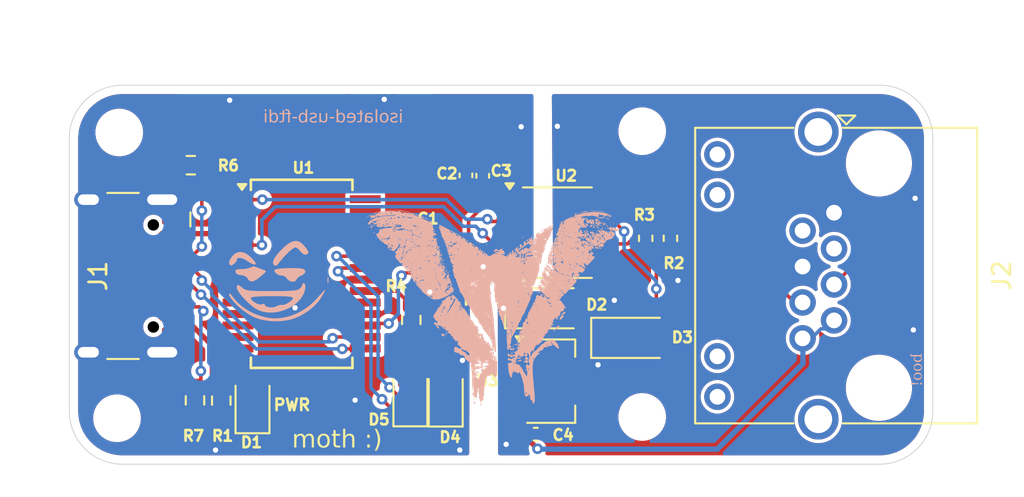
<source format=kicad_pcb>
(kicad_pcb (version 20240108) (generator "pcbnew") (generator_version "8.0")
  (layers (0 "F.Cu" signal) (31 "B.Cu" signal) (34 "B.Paste" user) (35 "F.Paste" user) (36 "B.SilkS" user "B.Silkscreen") (37 "F.SilkS" user "F.Silkscreen") (38 "B.Mask" user) (39 "F.Mask" user) (44 "Edge.Cuts" user))
  (net 0 "")
  (net 1 "Net-(U1-3V3OUT)")
  (net 2 "GND_A")
  (net 3 "Net-(U1-VCC)")
  (net 4 "Net-(U3-IN)")
  (net 5 "GND_B")
  (net 6 "Net-(D1-A)")
  (net 7 "Net-(D2-A)")
  (net 8 "Net-(D3-A)")
  (net 9 "Net-(D4-A)")
  (net 10 "Net-(D4-K)")
  (net 11 "Net-(D5-K)")
  (net 12 "Net-(D5-A)")
  (net 13 "Net-(J2-Pad6)")
  (net 15 "Net-(J2-Pad5)")
  (net 17 "Net-(U1-USBD-)")
  (net 19 "Net-(U1-USBD+)")
  (net 25 "Net-(U1-RXD)")
  (net 30 "Net-(U1-TXD)")
  (net 33 "Net-(U2-VDD2)")
  (net 34 "Net-(J1-CC1)")
  (net 35 "Net-(J1-CC2)")
  (net 36 "GND")
  (footprint "Resistor_SMD:R_0603_1608Metric" (layer "F.Cu") (at 134.355 82.134 90)
    (property "Reference" "R5")
    (property "Value" "270r")
  )
  (footprint "Resistor_SMD:R_0603_1608Metric" (layer "F.Cu") (at 121.5 86.675 90)
    (property "Reference" "R1")
    (property "Value" "270r")
  )
  (footprint "LED_SMD:LED_0805_2012Metric" (layer "F.Cu") (at 123.26758 86.837735 90)
    (property "Reference" "D1")
    (property "Value" "PWR")
  )
  (footprint "MountingHole:MountingHole_2.2mm_M2" (layer "F.Cu") (at 145.325 71.425)
    (property "Reference" "H2" (hide yes))
    (property "Value" "MountingHole")
  )
  (footprint "Capacitor_SMD:C_0402_1005Metric" (layer "F.Cu") (at 135.35 73.925 -90)
    (property "Reference" "C2")
    (property "Value" "100nF")
  )
  (footprint "LED_SMD:LED_0805_2012Metric" (layer "F.Cu") (at 134.205 86.459 90)
    (property "Reference" "D5")
    (property "Value" "TX")
  )
  (footprint "Resistor_SMD:R_0603_1608Metric" (layer "F.Cu") (at 120.012584 86.663189 -90)
    (property "Reference" "R7")
    (property "Value" "5.6k")
  )
  (footprint "Diode_SMD:D_1206_3216Metric" (layer "F.Cu") (at 139.85 81.45)
    (property "Reference" "D2")
    (property "Value" "4V7")
  )
  (footprint "Package_SO:SSOP-28_5.3x10.2mm_P0.65mm" (layer "F.Cu") (at 126.05 79.5)
    (property "Reference" "U1")
    (property "Value" "FT232RL")
  )
  (footprint "LED_SMD:LED_0805_2012Metric" (layer "F.Cu") (at 132.205 86.4465 90)
    (property "Reference" "D4")
    (property "Value" "RX")
  )
  (footprint "MountingHole:MountingHole_2.2mm_M2" (layer "F.Cu") (at 145.325 87.6)
    (property "Reference" "H3" (hide yes))
    (property "Value" "MountingHole")
  )
  (footprint "Capacitor_SMD:C_0805_2012Metric" (layer "F.Cu") (at 133.05 78.5 -90)
    (property "Reference" "C1")
    (property "Value" "100nF")
  )
  (footprint "Resistor_SMD:R_0402_1005Metric" (layer "F.Cu") (at 146.925 77.49 90)
    (property "Reference" "R3")
    (property "Value" "200r")
  )
  (footprint "Diode_SMD:D_1206_3216Metric" (layer "F.Cu") (at 144.725 83.125)
    (property "Reference" "D3")
    (property "Value" "5V1")
  )
  (footprint "Resistor_SMD:R_0603_1608Metric" (layer "F.Cu") (at 119.775 73.35 180)
    (property "Reference" "R6")
    (property "Value" "5.6k")
  )
  (footprint "Connector_USB:USB_C_Receptacle_HCTL_HC-TYPE-C-16P-01A" (layer "F.Cu") (at 115.05 79.62 -90)
    (property "Reference" "J1")
    (property "Value" "USB_C_Receptacle_USB2.0_14P")
  )
  (footprint "Resistor_SMD:R_0603_1608Metric" (layer "F.Cu") (at 132.255 82.109 90)
    (property "Reference" "R4")
    (property "Value" "270r")
  )
  (footprint "Package_TO_SOT_SMD:SOT-89-3" (layer "F.Cu") (at 140.175 85.575)
    (property "Reference" "U3")
    (property "Value" "L78L05_SOT89")
  )
  (footprint "Connector_RJ:RJ45_Amphenol_RJHSE538X" (layer "F.Cu") (at 156.185 76.04 -90)
    (property "Reference" "J2")
    (property "Value" "RJ45")
  )
  (footprint "Capacitor_SMD:C_0402_1005Metric" (layer "F.Cu") (at 136.3 73.95 -90)
    (property "Reference" "C3")
    (property "Value" "100nF")
  )
  (footprint "Capacitor_SMD:C_0402_1005Metric" (layer "F.Cu") (at 139.3 88.575 180)
    (property "Reference" "C4")
    (property "Value" "0.33uF")
  )
  (footprint "MountingHole:MountingHole_2.2mm_M2" (layer "F.Cu") (at 115.6 87.675)
    (property "Reference" "H4" (hide yes))
    (property "Value" "MountingHole")
  )
  (footprint "Resistor_SMD:R_0402_1005Metric" (layer "F.Cu") (at 145.525 77.49 -90)
    (property "Reference" "R2")
    (property "Value" "200r")
  )
  (footprint "Package_SO:SOIC-8_3.9x4.9mm_P1.27mm" (layer "F.Cu") (at 140.525 77.17)
    (property "Reference" "U2")
    (property "Value" "ADuM1200AR")
  )
  (footprint "MountingHole:MountingHole_2.2mm_M2" (layer "F.Cu") (at 115.725 71.5)
    (property "Reference" "H1" (hide yes))
    (property "Value" "MountingHole")
  )
  (gr_poly (pts (xy 139.504035 80.489694) (xy 139.505795 80.489865) (xy 139.507669 80.49019) (xy 139.509645 80.490668) (xy 139.511712 80.491298) (xy 139.513857 80.492076) (xy 139.518337 80.494074) (xy 139.522993 80.496645) (xy 139.527732 80.499774) (xy 139.53246 80.503445) (xy 139.534791 80.50548) (xy 139.537085 80.507644) (xy 139.53933 80.509936) (xy 139.541514 80.512355) (xy 139.543952 80.515914) (xy 139.545013 80.517641) (xy 139.545968 80.519337) (xy 139.546816 80.521006) (xy 139.547556 80.522652) (xy 139.548187 80.524277) (xy 139.548707 80.525886) (xy 139.549117 80.527482) (xy 139.549414 80.529069) (xy 139.549598 80.53065) (xy 139.549668 80.532229) (xy 139.549624 80.533808) (xy 139.549463 80.535393) (xy 139.549185 80.536986) (xy 139.54879 80.538592) (xy 139.548276 80.540212) (xy 139.547641 80.541852) (xy 139.546886 80.543514) (xy 139.54601 80.545203) (xy 139.54501 80.546921) (xy 139.543887 80.548672) (xy 139.542639 80.550461) (xy 139.541266 80.552289) (xy 139.538138 80.556082) (xy 139.534496 80.560079) (xy 139.530332 80.564308) (xy 139.525639 80.568798) (xy 139.521873 80.572122) (xy 139.518188 80.575151) (xy 139.514593 80.57789) (xy 139.511097 80.580343) (xy 139.507708 80.582516) (xy 139.504435 80.584414) (xy 139.501286 80.586041) (xy 139.498271 80.587402) (xy 139.495398 80.588502) (xy 139.492676 80.589347) (xy 139.490113 80.589939) (xy 139.487719 80.590286) (xy 139.485501 80.590391) (xy 139.48347 80.590259) (xy 139.481632 80.589895) (xy 139.479998 80.589304) (xy 139.478576 80.588491) (xy 139.477374 80.58746) (xy 139.476402 80.586217) (xy 139.475668 80.584767) (xy 139.47518 80.583113) (xy 139.474948 80.581262) (xy 139.47498 80.579217) (xy 139.475285 80.576984) (xy 139.475872 80.574568) (xy 139.476749 80.571973) (xy 139.477925 80.569204) (xy 139.479409 80.566266) (xy 139.48121 80.563164) (xy 139.483335 80.559903) (xy 139.485795 80.556488) (xy 139.488597 80.552923) (xy 139.490828 80.550199) (xy 139.492887 80.547335) (xy 139.494764 80.544358) (xy 139.496452 80.541293) (xy 139.497945 80.538165) (xy 139.499233 80.535002) (xy 139.500309 80.531828) (xy 139.501165 80.52867) (xy 139.501794 80.525553) (xy 139.502188 80.522504) (xy 139.50234 80.519547) (xy 139.502322 80.518111) (xy 139.50224 80.516709) (xy 139.502094 80.515343) (xy 139.501882 80.514016) (xy 139.501604 80.512732) (xy 139.501258 80.511493) (xy 139.500844 80.510304) (xy 139.50036 80.509167) (xy 139.499806 80.508086) (xy 139.499181 80.507063) (xy 139.49784 80.504675) (xy 139.496788 80.502471) (xy 139.496012 80.50045) (xy 139.495501 80.498608) (xy 139.495244 80.496945) (xy 139.495228 80.495459) (xy 139.495441 80.494146) (xy 139.495874 80.493007) (xy 139.496512 80.492037) (xy 139.497346 80.491237) (xy 139.498364 80.490603) (xy 139.499553 80.490133) (xy 139.500902 80.489827) (xy 139.5024 80.489681)) (stroke (width -0.000001)) (fill solid) (layer "B.SilkS"))
  (gr_poly (pts (xy 140.325783 76.681628) (xy 140.327181 76.681757) (xy 140.328482 76.68198) (xy 140.329686 76.682298) (xy 140.330795 76.68271) (xy 140.33181 76.683218) (xy 140.332732 76.683822) (xy 140.333561 76.684523) (xy 140.334299 76.685321) (xy 140.334947 76.686218) (xy 140.335505 76.687213) (xy 140.335974 76.688308) (xy 140.336356 76.689504) (xy 140.336651 76.6908) (xy 140.336861 76.692197) (xy 140.336986 76.693696) (xy 140.337028 76.695298) (xy 140.336982 76.69613) (xy 140.336845 76.696971) (xy 140.336619 76.69782) (xy 140.336308 76.698675) (xy 140.335912 76.699535) (xy 140.335435 76.700399) (xy 140.334244 76.702134) (xy 140.332754 76.703868) (xy 140.330982 76.705592) (xy 140.328946 76.707296) (xy 140.326665 76.708969) (xy 140.324157 76.7106) (xy 140.321439 76.71218) (xy 140.31853 76.713697) (xy 140.315448 76.715142) (xy 140.312211 76.716505) (xy 140.308837 76.717774) (xy 140.305344 76.718941) (xy 140.30175 76.719993) (xy 140.298195 76.720883) (xy 140.294809 76.721575) (xy 140.291596 76.722077) (xy 140.288559 76.722398) (xy 140.285701 76.722545) (xy 140.283026 76.722528) (xy 140.280538 76.722354) (xy 140.278241 76.722032) (xy 140.276137 76.721571) (xy 140.27423 76.720979) (xy 140.272524 76.720264) (xy 140.271023 76.719435) (xy 140.26973 76.7185) (xy 140.268648 76.717467) (xy 140.267782 76.716345) (xy 140.267134 76.715142) (xy 140.266708 76.713867) (xy 140.266508 76.712528) (xy 140.266537 76.711134) (xy 140.266799 76.709692) (xy 140.267298 76.708212) (xy 140.268037 76.706701) (xy 140.269019 76.705168) (xy 140.270248 76.703622) (xy 140.271728 76.702071) (xy 140.273462 76.700522) (xy 140.275454 76.698986) (xy 140.277707 76.697469) (xy 140.280225 76.695981) (xy 140.283011 76.69453) (xy 140.286069 76.693124) (xy 140.289403 76.691771) (xy 140.29546 76.689291) (xy 140.298321 76.688177) (xy 140.301071 76.687148) (xy 140.303711 76.686203) (xy 140.306243 76.685345) (xy 140.308666 76.684573) (xy 140.310983 76.683888) (xy 140.313193 76.683292) (xy 140.315299 76.682783) (xy 140.317301 76.682364) (xy 140.319199 76.682035) (xy 140.320996 76.681796) (xy 140.322691 76.681648) (xy 140.324287 76.681592)) (stroke (width -0.000001)) (fill solid) (layer "B.SilkS"))
  (gr_poly (pts (xy 131.22147 75.875532) (xy 131.358161 75.879886) (xy 131.489003 75.887548) (xy 131.606408 75.898352) (xy 131.657702 75.90488) (xy 131.702791 75.912132) (xy 131.818409 75.935507) (xy 131.945767 75.965186) (xy 132.081063 76.000034) (xy 132.220493 76.038912) (xy 132.360254 76.080683) (xy 132.496542 76.124212) (xy 132.625553 76.168361) (xy 132.743486 76.211993) (xy 132.814319 76.240145) (xy 132.878134 76.265809) (xy 132.935149 76.2891) (xy 132.98558 76.310137) (xy 133.029644 76.329033) (xy 133.067559 76.345907) (xy 133.084278 76.353622) (xy 133.099542 76.360874) (xy 133.113376 76.367679) (xy 133.125809 76.37405) (xy 133.136867 76.380003) (xy 133.146578 76.385552) (xy 133.154968 76.390711) (xy 133.162065 76.395496) (xy 133.167896 76.39992) (xy 133.172488 76.403998) (xy 133.175868 76.407745) (xy 133.177113 76.409498) (xy 133.178064 76.411175) (xy 133.178726 76.412775) (xy 133.179102 76.414302) (xy 133.179195 76.415757) (xy 133.17901 76.417142) (xy 133.178548 76.418459) (xy 133.177814 76.419709) (xy 133.176811 76.420894) (xy 133.175542 76.422017) (xy 133.174011 76.423078) (xy 133.172221 76.42408) (xy 133.167879 76.425914) (xy 133.162541 76.427533) (xy 133.156236 76.428952) (xy 133.153349 76.429058) (xy 133.150011 76.428727) (xy 133.146264 76.427978) (xy 133.142152 76.426829) (xy 133.137721 76.425297) (xy 133.133013 76.423401) (xy 133.128072 76.421159) (xy 133.122943 76.418588) (xy 133.117669 76.415708) (xy 133.112294 76.412535) (xy 133.106862 76.409089) (xy 133.101418 76.405387) (xy 133.096004 76.401447) (xy 133.090665 76.397288) (xy 133.085446 76.392927) (xy 133.080389 76.388382) (xy 133.075392 76.383817) (xy 133.070343 76.379394) (xy 133.065273 76.375131) (xy 133.060214 76.371046) (xy 133.055197 76.367158) (xy 133.050251 76.363484) (xy 133.045409 76.360043) (xy 133.040701 76.356853) (xy 133.036159 76.353931) (xy 133.031813 76.351296) (xy 133.027694 76.348965) (xy 133.023834 76.346958) (xy 133.020263 76.345292) (xy 133.017013 76.343985) (xy 133.014114 76.343055) (xy 133.011597 76.34252) (xy 133.005544 76.341859) (xy 132.996907 76.341198) (xy 132.973453 76.339875) (xy 132.912819 76.337229) (xy 132.902541 76.336481) (xy 132.892852 76.335548) (xy 132.88372 76.334407) (xy 132.875116 76.33304) (xy 132.867008 76.331424) (xy 132.859365 76.329539) (xy 132.852156 76.327366) (xy 132.845351 76.324882) (xy 132.842089 76.323517) (xy 132.838917 76.322067) (xy 132.83583 76.320529) (xy 132.832824 76.318901) (xy 132.829896 76.31718) (xy 132.827042 76.315363) (xy 132.824257 76.313448) (xy 132.821538 76.311432) (xy 132.818881 76.309313) (xy 132.816283 76.307088) (xy 132.813738 76.304755) (xy 132.811244 76.30231) (xy 132.808797 76.299752) (xy 132.806392 76.297077) (xy 132.801694 76.291368) (xy 132.79753 76.28664) (xy 132.792355 76.281732) (xy 132.786234 76.276675) (xy 132.779232 76.271497) (xy 132.771414 76.266225) (xy 132.762844 76.260889) (xy 132.753587 76.255517) (xy 132.743706 76.250137) (xy 132.722336 76.239468) (xy 132.699251 76.229108) (xy 132.674966 76.219286) (xy 132.65 76.210229) (xy 132.624823 76.201923) (xy 132.598737 76.193059) (xy 132.546812 76.174731) (xy 132.50018 76.157395) (xy 132.480708 76.149771) (xy 132.464791 76.143201) (xy 132.456959 76.139748) (xy 132.449344 76.136662) (xy 132.441956 76.133938) (xy 132.434805 76.131571) (xy 132.427903 76.129554) (xy 132.421259 76.127884) (xy 132.414884 76.126556) (xy 132.408788 76.125563) (xy 132.402981 76.1249) (xy 132.397474 76.124563) (xy 132.392277 76.124547) (xy 132.387401 76.124846) (xy 132.382855 76.125455) (xy 132.37865 76.126369) (xy 132.374797 76.127582) (xy 132.373005 76.1283) (xy 132.371305 76.12909) (xy 132.367838 76.13143) (xy 132.365394 76.133831) (xy 132.364565 76.135061) (xy 132.364003 76.136315) (xy 132.363713 76.137594) (xy 132.363699 76.138902) (xy 132.363963 76.140241) (xy 132.36451 76.141613) (xy 132.365344 76.143022) (xy 132.366468 76.144469) (xy 132.369605 76.147491) (xy 132.373951 76.150698) (xy 132.379537 76.154112) (xy 132.386395 76.157754) (xy 132.394555 76.161643) (xy 132.404047 76.165801) (xy 132.414905 76.170249) (xy 132.427157 76.175007) (xy 132.455972 76.185535) (xy 132.542013 76.218883) (xy 132.633987 76.256531) (xy 132.726746 76.296164) (xy 132.815144 76.335465) (xy 132.894033 76.372121) (xy 132.958267 76.403816) (xy 132.98328 76.417079) (xy 133.002698 76.428235) (xy 133.01588 76.436992) (xy 133.019931 76.440381) (xy 133.022181 76.443062) (xy 133.023023 76.444364) (xy 133.023894 76.445624) (xy 133.024792 76.446839) (xy 133.025715 76.448009) (xy 133.026662 76.449133) (xy 133.02763 76.450209) (xy 133.028617 76.451236) (xy 133.029622 76.452212) (xy 133.030642 76.453137) (xy 133.031676 76.454009) (xy 133.032721 76.454827) (xy 133.033777 76.455589) (xy 133.03484 76.456294) (xy 133.035908 76.456941) (xy 133.036981 76.457529) (xy 133.038055 76.458055) (xy 133.03913 76.45852) (xy 133.040203 76.458922) (xy 133.041271 76.459259) (xy 133.042334 76.45953) (xy 133.043389 76.459734) (xy 133.044435 76.459869) (xy 133.045469 76.459935) (xy 133.046489 76.45993) (xy 133.047494 76.459852) (xy 133.048481 76.459701) (xy 133.049449 76.459474) (xy 133.050396 76.459172) (xy 133.051319 76.458792) (xy 133.052218 76.458333) (xy 133.053089 76.457794) (xy 133.053931 76.457173) (xy 133.054808 76.456708) (xy 133.055785 76.456305) (xy 133.05802 76.455682) (xy 133.060601 76.455301) (xy 133.063494 76.455162) (xy 133.066667 76.455259) (xy 133.070085 76.455592) (xy 133.073714 76.456158) (xy 133.077522 76.456953) (xy 133.081475 76.457976) (xy 133.085539 76.459223) (xy 133.089681 76.460693) (xy 133.093866 76.462383) (xy 133.098062 76.464289) (xy 133.102234 76.46641) (xy 133.10635 76.468743) (xy 133.110375 76.471285) (xy 133.120676 76.477434) (xy 133.135235 76.485093) (xy 133.153349 76.49395) (xy 133.174316 76.503696) (xy 133.197432 76.514021) (xy 133.221996 76.524614) (xy 133.247304 76.535167) (xy 133.272652 76.545368) (xy 133.29695 76.555779) (xy 133.319526 76.565818) (xy 133.340315 76.575444) (xy 133.359248 76.584614) (xy 133.37626 76.593289) (xy 133.391281 76.601427) (xy 133.398025 76.605281) (xy 133.404246 76.608985) (xy 133.409936 76.612535) (xy 133.415087 76.615924) (xy 133.41969 76.619148) (xy 133.423736 76.622201) (xy 133.427219 76.625078) (xy 133.430128 76.627775) (xy 133.432456 76.630286) (xy 133.434194 76.632605) (xy 133.435334 76.634728) (xy 133.435677 76.635714) (xy 133.435868 76.63665) (xy 133.435904 76.637533) (xy 133.435786 76.638364) (xy 133.435512 76.639143) (xy 133.435081 76.639867) (xy 133.434492 76.640538) (xy 133.433745 76.641153) (xy 133.431768 76.642217) (xy 133.429143 76.643053) (xy 133.42586 76.643657) (xy 133.421913 76.644023) (xy 133.417292 76.644146) (xy 133.415809 76.644162) (xy 133.414339 76.644207) (xy 133.412883 76.644283) (xy 133.411445 76.644387) (xy 133.410027 76.64452) (xy 133.408629 76.644681) (xy 133.407256 76.644869) (xy 133.405909 76.645083) (xy 133.40459 76.645323) (xy 133.403302 76.645589) (xy 133.402047 76.645879) (xy 133.400828 76.646193) (xy 133.399645 76.64653) (xy 133.398503 76.646889) (xy 133.397402 76.647271) (xy 133.396345 76.647674) (xy 133.395336 76.648097) (xy 133.394374 76.648541) (xy 133.393464 76.649004) (xy 133.392607 76.649486) (xy 133.391806 76.649986) (xy 133.391063 76.650503) (xy 133.390379 76.651037) (xy 133.389758 76.651588) (xy 133.389202 76.652153) (xy 133.388712 76.652734) (xy 133.388292 76.653329) (xy 133.387943 76.653937) (xy 133.387667 76.654559) (xy 133.387468 76.655192) (xy 133.387346 76.655837) (xy 133.387305 76.656494) (xy 133.387598 76.658884) (xy 133.388136 76.661415) (xy 133.388908 76.664072) (xy 133.3899 76.666842) (xy 133.3911 76.669711) (xy 133.392495 76.672663) (xy 133.395822 76.678762) (xy 133.399779 76.685027) (xy 133.404266 76.691344) (xy 133.409181 76.697598) (xy 133.414425 76.703677) (xy 133.419896 76.709467) (xy 133.425494 76.714853) (xy 133.431118 76.719723) (xy 133.436667 76.723962) (xy 133.439382 76.72581) (xy 133.44204 76.727457) (xy 133.444629 76.72889) (xy 133.447136 76.730094) (xy 133.449549 76.731056) (xy 133.451856 76.73176) (xy 133.454042 76.732193) (xy 133.456097 76.732341) (xy 133.45773 76.732545) (xy 133.459319 76.733151) (xy 133.460862 76.734147) (xy 133.462357 76.73552) (xy 133.465193 76.739352) (xy 133.46781 76.74455) (xy 133.47019 76.751019) (xy 133.472313 76.758664) (xy 133.474163 76.76739) (xy 133.47572 76.777099) (xy 133.476968 76.787697) (xy 133.477887 76.799089) (xy 133.47846 76.811178) (xy 133.478669 76.82387) (xy 133.478496 76.837067) (xy 133.477922 76.850676) (xy 133.476929 76.8646) (xy 133.4755 76.878743) (xy 133.475381 76.880557) (xy 133.475353 76.882358) (xy 133.475416 76.884145) (xy 133.475569 76.885916) (xy 133.475809 76.887669) (xy 133.476135 76.889401) (xy 133.476547 76.891112) (xy 133.477043 76.892799) (xy 133.477622 76.89446) (xy 133.478282 76.896093) (xy 133.479022 76.897697) (xy 133.479841 76.899269) (xy 133.480737 76.900807) (xy 133.48171 76.90231) (xy 133.482757 76.903775) (xy 133.483878 76.905201) (xy 133.485072 76.906586) (xy 133.486336 76.907927) (xy 133.487671 76.909223) (xy 133.489074 76.910472) (xy 133.490543 76.911672) (xy 133.492079 76.912821) (xy 133.49368 76.913917) (xy 133.495344 76.914958) (xy 133.497069 76.915942) (xy 133.498856 76.916867) (xy 133.500702 76.917732) (xy 133.502606 76.918534) (xy 133.504567 76.919271) (xy 133.506583 76.919942) (xy 133.508654 76.920545) (xy 133.510778 76.921077) (xy 133.515512 76.922442) (xy 133.519797 76.923901) (xy 133.521772 76.924669) (xy 133.523637 76.925464) (xy 133.525392 76.926287) (xy 133.527038 76.92714) (xy 133.528576 76.928024) (xy 133.530006 76.92894) (xy 133.531328 76.929889) (xy 133.532544 76.930874) (xy 133.533654 76.931895) (xy 133.534658 76.932953) (xy 133.535558 76.93405) (xy 133.536354 76.935187) (xy 133.537047 76.936366) (xy 133.537636 76.937587) (xy 133.538124 76.938852) (xy 133.538511 76.940162) (xy 133.538796 76.941519) (xy 133.538982 76.942923) (xy 133.539068 76.944377) (xy 133.539055 76.945881) (xy 133.538944 76.947436) (xy 133.538735 76.949045) (xy 133.53843 76.950708) (xy 133.538028 76.952426) (xy 133.537531 76.954202) (xy 133.536939 76.956035) (xy 133.536252 76.957928) (xy 133.535472 76.959881) (xy 133.530704 76.974076) (xy 133.525109 76.991411) (xy 133.522363 77.000586) (xy 133.519845 77.009739) (xy 133.517699 77.018604) (xy 133.51681 77.022843) (xy 133.516069 77.02691) (xy 133.515558 77.029028) (xy 133.515017 77.031084) (xy 133.514447 77.033074) (xy 133.513851 77.034999) (xy 133.513228 77.036857) (xy 133.512581 77.038646) (xy 133.511911 77.040365) (xy 133.511219 77.042013) (xy 133.510506 77.043589) (xy 133.509773 77.045091) (xy 133.509023 77.046519) (xy 133.508256 77.04787) (xy 133.507473 77.049143) (xy 133.506676 77.050338) (xy 133.505866 77.051453) (xy 133.505045 77.052486) (xy 133.504213 77.053437) (xy 133.503372 77.054304) (xy 133.502524 77.055085) (xy 133.501669 77.05578) (xy 133.500808 77.056387) (xy 133.499944 77.056905) (xy 133.499078 77.057332) (xy 133.49821 77.057668) (xy 133.497342 77.05791) (xy 133.496475 77.058058) (xy 133.495611 77.058111) (xy 133.494751 77.058067) (xy 133.493896 77.057924) (xy 133.493047 77.057682) (xy 133.492206 77.05734) (xy 133.491375 77.056895) (xy 133.490553 77.05644) (xy 133.489743 77.056067) (xy 133.488945 77.055773) (xy 133.48816 77.055559) (xy 133.48739 77.055421) (xy 133.486635 77.055361) (xy 133.485896 77.055375) (xy 133.485174 77.055462) (xy 133.48447 77.055622) (xy 133.483785 77.055853) (xy 133.48312 77.056154) (xy 133.482476 77.056524) (xy 133.481854 77.05696) (xy 133.481255 77.057462) (xy 133.48068 77.058029) (xy 133.48013 77.05866) (xy 133.479606 77.059352) (xy 133.479108 77.060105) (xy 133.478638 77.060917) (xy 133.478197 77.061788) (xy 133.477786 77.062715) (xy 133.477405 77.063698) (xy 133.47674 77.065826) (xy 133.476209 77.06816) (xy 133.47582 77.07069) (xy 133.475581 77.073407) (xy 133.4755 77.076299) (xy 133.475525 77.078082) (xy 133.475603 77.079792) (xy 133.475731 77.08143) (xy 133.47591 77.082996) (xy 133.476139 77.084489) (xy 133.476418 77.08591) (xy 133.476747 77.087259) (xy 133.477126 77.088536) (xy 133.477553 77.08974) (xy 133.47803 77.090871) (xy 133.478555 77.091931) (xy 133.479127 77.092918) (xy 133.479748 77.093832) (xy 133.480416 77.094675) (xy 133.481132 77.095445) (xy 133.481894 77.096142) (xy 133.482703 77.096768) (xy 133.483557 77.097321) (xy 133.484458 77.097801) (xy 133.485404 77.098209) (xy 133.486396 77.098545) (xy 133.487432 77.098809) (xy 133.488513 77.099) (xy 133.489638 77.099119) (xy 133.490808 77.099166) (xy 133.49202 77.09914) (xy 133.493276 77.099042) (xy 133.494575 77.098871) (xy 133.495917 77.098628) (xy 133.497301 77.098313) (xy 133.498727 77.097926) (xy 133.500194 77.097466) (xy 133.501522 77.096996) (xy 133.502857 77.096577) (xy 133.504198 77.09621) (xy 133.505541 77.095895) (xy 133.506884 77.095631) (xy 133.508225 77.095419) (xy 133.50956 77.095259) (xy 133.510888 77.09515) (xy 133.512205 77.095093) (xy 133.51351 77.095088) (xy 133.514798 77.095135) (xy 133.516069 77.095233) (xy 133.517319 77.095383) (xy 133.518546 77.095584) (xy 133.519747 77.095837) (xy 133.52092 77.096142) (xy 133.522062 77.096499) (xy 133.52317 77.096907) (xy 133.524242 77.097367) (xy 133.525275 77.097879) (xy 133.526266 77.098442) (xy 133.527214 77.099057) (xy 133.528116 77.099723) (xy 133.528968 77.100442) (xy 133.529768 77.101212) (xy 133.530515 77.102033) (xy 133.531204 77.102907) (xy 133.531834 77.103832) (xy 133.532402 77.104808) (xy 133.532906 77.105837) (xy 133.533342 77.106917) (xy 133.533709 77.108049) (xy 133.53406 77.10918) (xy 133.53445 77.11026) (xy 133.534878 77.111287) (xy 133.535341 77.112262) (xy 133.535838 77.113184) (xy 133.536367 77.114052) (xy 133.536926 77.114867) (xy 133.537512 77.115628) (xy 133.538124 77.116335) (xy 133.53876 77.116987) (xy 133.539418 77.117584) (xy 133.540096 77.118126) (xy 133.540792 77.118612) (xy 133.541504 77.119042) (xy 133.54223 77.119417) (xy 133.542969 77.119735) (xy 133.543718 77.119995) (xy 133.544475 77.120199) (xy 133.545239 77.120345) (xy 133.546007 77.120434) (xy 133.546778 77.120464) (xy 133.54755 77.120436) (xy 133.54832 77.120349) (xy 133.549087 77.120203) (xy 133.549849 77.119998) (xy 133.550604 77.119732) (xy 133.55135 77.119407) (xy 133.552084 77.119021) (xy 133.552806 77.118575) (xy 133.553513 77.118068) (xy 133.554203 77.117499) (xy 133.554875 77.116868) (xy 133.555666 77.115995) (xy 133.556385 77.115033) (xy 133.557034 77.113984) (xy 133.557614 77.112851) (xy 133.558568 77.110349) (xy 133.559257 77.107552) (xy 133.559687 77.104487) (xy 133.559867 77.101179) (xy 133.559804 77.097654) (xy 133.559505 77.093937) (xy 133.558979 77.090056) (xy 133.558234 77.086034) (xy 133.557277 77.081899) (xy 133.556115 77.077676) (xy 133.554758 77.073392) (xy 133.553211 77.069071) (xy 133.551484 77.064739) (xy 133.549583 77.060424) (xy 133.546794 77.053846) (xy 133.544385 77.047987) (xy 133.542363 77.04282) (xy 133.540736 77.03832) (xy 133.540074 77.036312) (xy 133.539513 77.034461) (xy 133.539055 77.032763) (xy 133.5387 77.031216) (xy 133.538451 77.029817) (xy 133.538306 77.028561) (xy 133.538269 77.027446) (xy 133.538339 77.026469) (xy 133.538517 77.025626) (xy 133.538805 77.024914) (xy 133.539203 77.02433) (xy 133.539713 77.023871) (xy 133.540335 77.023534) (xy 133.541071 77.023314) (xy 133.541921 77.02321) (xy 133.542886 77.023217) (xy 133.543968 77.023333) (xy 133.545166 77.023554) (xy 133.546483 77.023877) (xy 133.547919 77.024299) (xy 133.549476 77.024816) (xy 133.551153 77.025426) (xy 133.554875 77.02691) (xy 133.556347 77.027468) (xy 133.557788 77.028146) (xy 133.559196 77.028942) (xy 133.560569 77.029852) (xy 133.563211 77.032003) (xy 133.565706 77.034572) (xy 133.568046 77.037534) (xy 133.570223 77.040863) (xy 133.572229 77.044532) (xy 133.574057 77.048518) (xy 133.575699 77.052792) (xy 133.577147 77.05733) (xy 133.578394 77.062106) (xy 133.579431 77.067094) (xy 133.580252 77.072267) (xy 133.580847 77.077601) (xy 133.58121 77.083069) (xy 133.581333 77.088646) (xy 133.581266 77.096796) (xy 133.581044 77.10407) (xy 133.580636 77.110501) (xy 133.580352 77.113412) (xy 133.58001 77.116124) (xy 133.579607 77.118643) (xy 133.579137 77.120972) (xy 133.578598 77.123115) (xy 133.577985 77.125078) (xy 133.577294 77.126863) (xy 133.576522 77.128476) (xy 133.575665 77.12992) (xy 133.574719 77.1312) (xy 133.573679 77.132319) (xy 133.572543 77.133283) (xy 133.571306 77.134095) (xy 133.569964 77.134759) (xy 133.568514 77.135279) (xy 133.566952 77.135661) (xy 133.565273 77.135907) (xy 133.563474 77.136023) (xy 133.561551 77.136012) (xy 133.5595 77.135879) (xy 133.557317 77.135627) (xy 133.554999 77.135262) (xy 133.54994 77.134205) (xy 133.544291 77.132743) (xy 133.539556 77.131566) (xy 133.535262 77.130683) (xy 133.533276 77.130354) (xy 133.531397 77.1301) (xy 133.529621 77.129922) (xy 133.527948 77.129822) (xy 133.526375 77.129799) (xy 133.524902 77.129854) (xy 133.523526 77.129987) (xy 133.522246 77.130201) (xy 133.521061 77.130494) (xy 133.519968 77.130868) (xy 133.518966 77.131324) (xy 133.518054 77.131861) (xy 133.517229 77.132481) (xy 133.516491 77.133185) (xy 133.515837 77.133972) (xy 133.515267 77.134844) (xy 133.514777 77.135802) (xy 133.514368 77.136845) (xy 133.514037 77.137975) (xy 133.513782 77.139192) (xy 133.513602 77.140497) (xy 133.513495 77.14189) (xy 133.513461 77.143373) (xy 133.513496 77.144945) (xy 133.5136 77.146608) (xy 133.51377 77.148362) (xy 133.514305 77.152146) (xy 133.514667 77.153628) (xy 133.515088 77.155099) (xy 133.515568 77.156554) (xy 133.516104 77.157992) (xy 133.516694 77.159411) (xy 133.517336 77.160808) (xy 133.51877 77.163528) (xy 133.52039 77.166135) (xy 133.522181 77.16861) (xy 133.524127 77.170935) (xy 133.526212 77.173092) (xy 133.528421 77.175063) (xy 133.529567 77.175973) (xy 133.530739 77.17683) (xy 133.531933 77.177631) (xy 133.533149 77.178375) (xy 133.534385 77.179058) (xy 133.535637 77.179679) (xy 133.536906 77.180236) (xy 133.538188 77.180725) (xy 133.539481 77.181146) (xy 133.540784 77.181495) (xy 133.542095 77.18177) (xy 133.543412 77.18197) (xy 133.544733 77.182091) (xy 133.546055 77.182132) (xy 133.55018 77.182481) (xy 133.554599 77.183184) (xy 133.559285 77.184225) (xy 133.564214 77.185587) (xy 133.574693 77.189205) (xy 133.585825 77.1939) (xy 133.597402 77.199536) (xy 133.609214 77.205975) (xy 133.621052 77.213081) (xy 133.632706 77.220717) (xy 133.643968 77.228745) (xy 133.654627 77.237029) (xy 133.664476 77.245432) (xy 133.673303 77.253817) (xy 133.680901 77.262047) (xy 133.684173 77.266061) (xy 133.687059 77.269985) (xy 133.689534 77.273802) (xy 133.69157 77.277494) (xy 133.693141 77.281045) (xy 133.694222 77.284437) (xy 133.695419 77.28911) (xy 133.696358 77.293212) (xy 133.697028 77.29675) (xy 133.697259 77.298311) (xy 133.697419 77.299733) (xy 133.697507 77.301019) (xy 133.697521 77.302169) (xy 133.69746 77.303183) (xy 133.697323 77.304064) (xy 133.697108 77.304811) (xy 133.696815 77.305427) (xy 133.696441 77.305911) (xy 133.695986 77.306265) (xy 133.695448 77.30649) (xy 133.694827 77.306587) (xy 133.69412 77.306556) (xy 133.693326 77.3064) (xy 133.692445 77.306117) (xy 133.691475 77.305711) (xy 133.690414 77.305181) (xy 133.689261 77.304529) (xy 133.688016 77.303755) (xy 133.686676 77.302861) (xy 133.683708 77.300715) (xy 133.680347 77.298099) (xy 133.676583 77.295021) (xy 133.674109 77.293119) (xy 133.67134 77.291386) (xy 133.668312 77.289823) (xy 133.665063 77.288434) (xy 133.661627 77.28722) (xy 133.658042 77.286184) (xy 133.654343 77.285329) (xy 133.650566 77.284658) (xy 133.646748 77.284172) (xy 133.642925 77.283876) (xy 133.639133 77.28377) (xy 133.635408 77.283858) (xy 133.631786 77.284143) (xy 133.628304 77.284627) (xy 133.624997 77.285312) (xy 133.621903 77.286201) (xy 133.61756 77.288126) (xy 133.615603 77.289047) (xy 133.613786 77.289942) (xy 133.612109 77.290815) (xy 133.61057 77.291666) (xy 133.609168 77.292498) (xy 133.607902 77.293312) (xy 133.60677 77.294111) (xy 133.605771 77.294896) (xy 133.604904 77.295669) (xy 133.604167 77.296433) (xy 133.60356 77.297189) (xy 133.60308 77.297939) (xy 133.602727 77.298686) (xy 133.6025 77.29943) (xy 133.602396 77.300175) (xy 133.602415 77.300921) (xy 133.602556 77.301671) (xy 133.602817 77.302428) (xy 133.603196 77.303191) (xy 133.603693 77.303965) (xy 133.604307 77.30475) (xy 133.605035 77.305549) (xy 133.605877 77.306363) (xy 133.606832 77.307195) (xy 133.607897 77.308046) (xy 133.609073 77.308918) (xy 133.610357 77.309813) (xy 133.611748 77.310734) (xy 133.614847 77.312659) (xy 133.617927 77.314894) (xy 133.620552 77.316976) (xy 133.621694 77.317964) (xy 133.622722 77.318918) (xy 133.623637 77.319841) (xy 133.624438 77.320734) (xy 133.625125 77.321599) (xy 133.625699 77.322437) (xy 133.626159 77.323249) (xy 133.626505 77.324038) (xy 133.626738 77.324805) (xy 133.626857 77.325552) (xy 133.626862 77.32628) (xy 133.626753 77.326991) (xy 133.626531 77.327686) (xy 133.626195 77.328368) (xy 133.625746 77.329037) (xy 133.625182 77.329695) (xy 133.624506 77.330345) (xy 133.623715 77.330987) (xy 133.622811 77.331623) (xy 133.621793 77.332255) (xy 133.620661 77.332884) (xy 133.619415 77.333513) (xy 133.616584 77.334773) (xy 133.613297 77.336049) (xy 133.609555 77.337354) (xy 133.607923 77.337979) (xy 133.606332 77.338533) (xy 133.604783 77.339014) (xy 133.603278 77.339425) (xy 133.601817 77.339764) (xy 133.600401 77.340032) (xy 133.59903 77.34023) (xy 133.597704 77.340358) (xy 133.596425 77.340417) (xy 133.595194 77.340405) (xy 133.59401 77.340325) (xy 133.592874 77.340176) (xy 133.591788 77.339958) (xy 133.590751 77.339672) (xy 133.589765 77.339319) (xy 133.58883 77.338898) (xy 133.587946 77.338409) (xy 133.587115 77.337854) (xy 133.586337 77.337233) (xy 133.585612 77.336545) (xy 133.584942 77.335791) (xy 133.584326 77.334972) (xy 133.583766 77.334087) (xy 133.583262 77.333137) (xy 133.582816 77.332123) (xy 133.582426 77.331045) (xy 133.582095 77.329903) (xy 133.581822 77.328697) (xy 133.581609 77.327428) (xy 133.581456 77.326095) (xy 133.581364 77.3247) (xy 133.581333 77.323243) (xy 133.581205 77.317063) (xy 133.580803 77.31175) (xy 133.580491 77.30942) (xy 133.580101 77.307306) (xy 133.579629 77.30541) (xy 133.579073 77.30373) (xy 133.578429 77.302268) (xy 133.577694 77.301022) (xy 133.576865 77.299994) (xy 133.575938 77.299183) (xy 133.57491 77.298588) (xy 133.573779 77.298211) (xy 133.57254 77.298051) (xy 133.571191 77.298108) (xy 133.569728 77.298382) (xy 133.568148 77.298873) (xy 133.566448 77.299581) (xy 133.564624 77.300506) (xy 133.562674 77.301648) (xy 133.560595 77.303007) (xy 133.556032 77.306376) (xy 133.550912 77.310613) (xy 133.545208 77.315719) (xy 133.538894 77.321693) (xy 133.531945 77.328535) (xy 133.52316 77.337672) (xy 133.515325 77.346566) (xy 133.511765 77.350924) (xy 133.508442 77.355223) (xy 133.505357 77.359464) (xy 133.50251 77.363647) (xy 133.4999 77.367774) (xy 133.497528 77.371844) (xy 133.495394 77.375859) (xy 133.493497 77.379818) (xy 133.491838 77.383724) (xy 133.490417 77.387576) (xy 133.489234 77.391375) (xy 133.488288 77.395121) (xy 133.48758 77.398816) (xy 133.48711 77.40246) (xy 133.486877 77.406054) (xy 133.486882 77.409598) (xy 133.487125 77.413092) (xy 133.487606 77.416539) (xy 133.488324 77.419937) (xy 133.48928 77.423289) (xy 133.490474 77.426593) (xy 133.491906 77.429852) (xy 133.493575 77.433066) (xy 133.495482 77.436235) (xy 133.497626 77.43936) (xy 133.500008 77.442442) (xy 133.502629 77.445482) (xy 133.505486 77.448479) (xy 133.509828 77.452598) (xy 133.511783 77.454527) (xy 133.513596 77.456375) (xy 133.515266 77.458146) (xy 133.516795 77.459843) (xy 133.518184 77.46147) (xy 133.519432 77.463031) (xy 133.52054 77.46453) (xy 133.52151 77.465971) (xy 133.522341 77.467358) (xy 133.523035 77.468695) (xy 133.523592 77.469985) (xy 133.524013 77.471232) (xy 133.524298 77.472441) (xy 133.524448 77.473615) (xy 133.524463 77.474757) (xy 133.524345 77.475873) (xy 133.524094 77.476965) (xy 133.52371 77.478038) (xy 133.523195 77.479096) (xy 133.522549 77.480142) (xy 133.521772 77.48118) (xy 133.520865 77.482214) (xy 133.519829 77.483248) (xy 133.518664 77.484286) (xy 133.517372 77.485332) (xy 133.515952 77.486389) (xy 133.514406 77.487462) (xy 133.512734 77.488555) (xy 133.509014 77.490813) (xy 133.50143 77.496144) (xy 133.495802 77.500883) (xy 133.493687 77.503027) (xy 133.492019 77.505017) (xy 133.490784 77.506854) (xy 133.489969 77.508534) (xy 133.48956 77.510057) (xy 133.489543 77.511421) (xy 133.489903 77.512624) (xy 133.490628 77.513664) (xy 133.491702 77.51454) (xy 133.493113 77.515251) (xy 133.494846 77.515794) (xy 133.496887 77.516169) (xy 133.50184 77.516404) (xy 133.50786 77.515945) (xy 133.514836 77.514777) (xy 133.522657 77.512889) (xy 133.531211 77.510267) (xy 133.540389 77.506898) (xy 133.550078 77.502769) (xy 133.560167 77.497868) (xy 133.567572 77.494436) (xy 133.574595 77.491412) (xy 133.581266 77.488791) (xy 133.587617 77.486568) (xy 133.593679 77.484738) (xy 133.599482 77.483295) (xy 133.605058 77.482235) (xy 133.610437 77.481552) (xy 133.615651 77.481241) (xy 133.620731 77.481297) (xy 133.625708 77.481715) (xy 133.630612 77.482489) (xy 133.635474 77.483615) (xy 133.640327 77.485087) (xy 133.6452 77.4869) (xy 133.650125 77.489048) (xy 133.653922 77.491011) (xy 133.658014 77.492924) (xy 133.662364 77.494781) (xy 133.666937 77.496573) (xy 133.671695 77.498292) (xy 133.676604 77.499932) (xy 133.681626 77.501483) (xy 133.686725 77.502939) (xy 133.697013 77.505533) (xy 133.707176 77.507652) (xy 133.71212 77.508514) (xy 133.716925 77.509233) (xy 133.721555 77.509803) (xy 133.725972 77.510215) (xy 133.738695 77.510829) (xy 133.743673 77.511138) (xy 133.747717 77.511483) (xy 133.750822 77.511891) (xy 133.752978 77.512386) (xy 133.753698 77.512674) (xy 133.754178 77.512995) (xy 133.754417 77.51335) (xy 133.754415 77.513743) (xy 133.754169 77.514178) (xy 133.753679 77.514657) (xy 133.752945 77.515184) (xy 133.751965 77.515762) (xy 133.749264 77.517084) (xy 133.745568 77.518649) (xy 133.73516 77.52261) (xy 133.72068 77.527854) (xy 133.715744 77.529999) (xy 133.710872 77.532446) (xy 133.706088 77.535168) (xy 133.701415 77.538134) (xy 133.696877 77.541318) (xy 133.692496 77.544691) (xy 133.688296 77.548223) (xy 133.6843 77.551887) (xy 133.680532 77.555655) (xy 133.677014 77.559498) (xy 133.67377 77.563387) (xy 133.670823 77.567294) (xy 133.668196 77.571191) (xy 133.665914 77.575049) (xy 133.663998 77.57884) (xy 133.662472 77.582535) (xy 133.661597 77.586672) (xy 133.660952 77.590809) (xy 133.660529 77.594932) (xy 133.660319 77.59903) (xy 133.660314 77.603093) (xy 133.660507 77.607107) (xy 133.660889 77.611062) (xy 133.661452 77.614947) (xy 133.662189 77.618748) (xy 133.66309 77.622455) (xy 133.664148 77.626056) (xy 133.665356 77.62954) (xy 133.666704 77.632894) (xy 133.668184 77.636108) (xy 133.66979 77.639169) (xy 133.671512 77.642066) (xy 133.673343 77.644788) (xy 133.675274 77.647322) (xy 133.677297 77.649657) (xy 133.679405 77.651781) (xy 133.681589 77.653683) (xy 133.683841 77.655352) (xy 133.686153 77.656775) (xy 133.688517 77.657941) (xy 133.690925 77.658838) (xy 133.693369 77.659455) (xy 133.695841 77.65978) (xy 133.698332 77.659801) (xy 133.700835 77.659507) (xy 133.703342 77.658886) (xy 133.705844 77.657927) (xy 133.708333 77.656617) (xy 133.710504 77.65546) (xy 133.712385 77.654633) (xy 133.713217 77.654344) (xy 133.713976 77.654137) (xy 133.714663 77.654013) (xy 133.715278 77.653972) (xy 133.715821 77.654013) (xy 133.716291 77.654137) (xy 133.716689 77.654344) (xy 133.717015 77.654633) (xy 133.717268 77.655005) (xy 133.717449 77.65546) (xy 133.717557 77.655997) (xy 133.717593 77.656618) (xy 133.717557 77.65732) (xy 133.717449 77.658106) (xy 133.717015 77.659925) (xy 133.716291 77.662075) (xy 133.715278 77.664555) (xy 133.713976 77.667366) (xy 133.712385 77.670508) (xy 133.710504 77.673981) (xy 133.708333 77.677784) (xy 133.705875 77.682607) (xy 133.703796 77.687176) (xy 133.702105 77.691528) (xy 133.701407 77.693634) (xy 133.700809 77.695699) (xy 133.700312 77.697728) (xy 133.699916 77.699725) (xy 133.699623 77.701696) (xy 133.699434 77.703643) (xy 133.69935 77.705573) (xy 133.699371 77.707489) (xy 133.699499 77.709396) (xy 133.699734 77.711298) (xy 133.700078 77.713201) (xy 133.700531 77.715108) (xy 133.701095 77.717024) (xy 133.70177 77.718953) (xy 133.702558 77.720901) (xy 133.703459 77.722871) (xy 133.704474 77.724869) (xy 133.705605 77.726898) (xy 133.708216 77.731069) (xy 133.711299 77.735421) (xy 133.714864 77.73999) (xy 133.718917 77.744812) (xy 133.720844 77.746931) (xy 133.722659 77.748989) (xy 133.724361 77.750985) (xy 133.725952 77.752922) (xy 133.727431 77.754799) (xy 133.7288 77.756618) (xy 133.730059 77.758378) (xy 133.731209 77.760081) (xy 133.73225 77.761727) (xy 133.733184 77.763317) (xy 133.73401 77.764851) (xy 133.73473 77.766331) (xy 133.735343 77.767756) (xy 133.735852 77.769127) (xy 133.736256 77.770446) (xy 133.736556 77.771712) (xy 133.736752 77.772926) (xy 133.736846 77.77409) (xy 133.736838 77.775203) (xy 133.736728 77.776266) (xy 133.736517 77.77728) (xy 133.736207 77.778246) (xy 133.735797 77.779164) (xy 133.735288 77.780035) (xy 133.734681 77.78086) (xy 133.733976 77.781638) (xy 133.733175 77.782371) (xy 133.732277 77.78306) (xy 133.731283 77.783705) (xy 133.730195 77.784307) (xy 133.729013 77.784865) (xy 133.727736 77.785382) (xy 133.726605 77.785749) (xy 133.725524 77.786185) (xy 133.724496 77.786688) (xy 133.723519 77.787256) (xy 133.722594 77.787886) (xy 133.721721 77.788576) (xy 133.720899 77.789322) (xy 133.720129 77.790122) (xy 133.719411 77.790975) (xy 133.718744 77.791876) (xy 133.718129 77.792824) (xy 133.717566 77.793816) (xy 133.717054 77.794849) (xy 133.716595 77.79592) (xy 133.71583 77.79817) (xy 133.715272 77.800544) (xy 133.71492 77.803021) (xy 133.714775 77.80558) (xy 133.714837 77.808202) (xy 133.715106 77.810865) (xy 133.715582 77.813549) (xy 133.716264 77.816232) (xy 133.717153 77.818895) (xy 133.717597 77.820228) (xy 133.717939 77.82158) (xy 133.71818 77.822948) (xy 133.718321 77.824332) (xy 133.718361 77.825728) (xy 133.718304 77.827135) (xy 133.718149 77.828551) (xy 133.717897 77.829975) (xy 133.717549 77.831403) (xy 133.717107 77.832835) (xy 133.716572 77.834268) (xy 133.715943 77.835701) (xy 133.715223 77.83713) (xy 133.714413 77.838556) (xy 133.713512 77.839974) (xy 133.712522 77.841385) (xy 133.711445 77.842785) (xy 133.710281 77.844173) (xy 133.707696 77.846904) (xy 133.704775 77.849563) (xy 133.701526 77.852134) (xy 133.697956 77.854601) (xy 133.694074 77.85695) (xy 133.689887 77.859165) (xy 133.685402 77.861229) (xy 133.643069 77.878868) (xy 133.687167 77.871812) (xy 133.692741 77.870772) (xy 133.698211 77.869963) (xy 133.703567 77.869377) (xy 133.708798 77.869008) (xy 133.713894 77.868848) (xy 133.718843 77.86889) (xy 133.723635 77.869127) (xy 133.72826 77.869552) (xy 133.732706 77.870158) (xy 133.736963 77.870938) (xy 133.741021 77.871884) (xy 133.744868 77.87299) (xy 133.748495 77.874249) (xy 133.75189 77.875653) (xy 133.755043 77.877195) (xy 133.757942 77.878868) (xy 133.760579 77.880665) (xy 133.762941 77.882579) (xy 133.765018 77.884603) (xy 133.7668 77.88673) (xy 133.768275 77.888952) (xy 133.769434 77.891263) (xy 133.770265 77.893655) (xy 133.770758 77.896121) (xy 133.770902 77.898655) (xy 133.770687 77.901249) (xy 133.770102 77.903895) (xy 133.769136 77.906588) (xy 133.767778 77.909319) (xy 133.766018 77.912082) (xy 133.763846 77.914869) (xy 133.76125 77.917674) (xy 133.755464 77.923671) (xy 133.750684 77.929108) (xy 133.746921 77.934002) (xy 133.745426 77.936251) (xy 133.74419 77.938372) (xy 133.743215 77.940366) (xy 133.742502 77.942235) (xy 133.742054 77.943982) (xy 133.741871 77.94561) (xy 133.741956 77.94712) (xy 133.74231 77.948515) (xy 133.742935 77.949796) (xy 133.743832 77.950967) (xy 133.745003 77.952029) (xy 133.746449 77.952985) (xy 133.748172 77.953837) (xy 133.750174 77.954588) (xy 133.752457 77.955239) (xy 133.755021 77.955792) (xy 133.761002 77.956617) (xy 133.76813 77.95708) (xy 133.776419 77.957199) (xy 133.78588 77.956992) (xy 133.796528 77.956478) (xy 133.809449 77.955673) (xy 133.815433 77.955412) (xy 133.821102 77.955245) (xy 133.826456 77.955174) (xy 133.831499 77.9552) (xy 133.83623 77.955322) (xy 133.840653 77.955542) (xy 133.844768 77.95586) (xy 133.848577 77.956277) (xy 133.852082 77.956793) (xy 133.855284 77.957409) (xy 133.858185 77.958126) (xy 133.860787 77.958945) (xy 133.863091 77.959865) (xy 133.865099 77.960889) (xy 133.866812 77.962015) (xy 133.868233 77.963246) (xy 133.869362 77.964581) (xy 133.870201 77.966022) (xy 133.870753 77.967569) (xy 133.871017 77.969222) (xy 133.870997 77.970982) (xy 133.870694 77.97285) (xy 133.870109 77.974827) (xy 133.869244 77.976913) (xy 133.8681 77.979109) (xy 133.86668 77.981415) (xy 133.864985 77.983832) (xy 133.863016 77.986361) (xy 133.860775 77.989002) (xy 133.858264 77.991757) (xy 133.857257 77.993059) (xy 133.856221 77.994319) (xy 133.855161 77.995537) (xy 133.854078 77.996711) (xy 133.852976 77.997841) (xy 133.851857 77.998927) (xy 133.849582 78.000962) (xy 133.847276 78.002811) (xy 133.844962 78.004469) (xy 133.842664 78.005931) (xy 133.840404 78.007191) (xy 133.838207 78.008244) (xy 133.836095 78.009085) (xy 133.835078 78.009425) (xy 133.834091 78.00971) (xy 133.833137 78.009939) (xy 133.832219 78.010112) (xy 133.831339 78.010228) (xy 133.830502 78.010287) (xy 133.829709 78.010287) (xy 133.828963 78.010229) (xy 133.828268 78.010111) (xy 133.827626 78.009933) (xy 133.82704 78.009695) (xy 133.826514 78.009395) (xy 133.825847 78.0091) (xy 133.825171 78.008877) (xy 133.824486 78.008723) (xy 133.823792 78.008637) (xy 133.823091 78.008619) (xy 133.822382 78.008667) (xy 133.821667 78.008779) (xy 133.820946 78.008955) (xy 133.82022 78.009192) (xy 133.81949 78.00949) (xy 133.818756 78.009848) (xy 133.818018 78.010264) (xy 133.816536 78.011265) (xy 133.815048 78.012483) (xy 133.813561 78.013907) (xy 133.812079 78.015528) (xy 133.810607 78.017335) (xy 133.80915 78.019318) (xy 133.807715 78.021466) (xy 133.806305 78.023769) (xy 133.804926 78.026217) (xy 133.803583 78.028799) (xy 133.803113 78.030127) (xy 133.802694 78.031462) (xy 133.802326 78.032804) (xy 133.802009 78.034149) (xy 133.801742 78.035495) (xy 133.801525 78.036841) (xy 133.801358 78.038183) (xy 133.801241 78.03952) (xy 133.801172 78.040849) (xy 133.801152 78.042168) (xy 133.801181 78.043475) (xy 133.801258 78.044767) (xy 133.801382 78.046042) (xy 133.801555 78.047298) (xy 133.801774 78.048533) (xy 133.80204 78.049745) (xy 133.802352 78.05093) (xy 133.802711 78.052088) (xy 133.803116 78.053215) (xy 133.803566 78.05431) (xy 133.804061 78.055369) (xy 133.804602 78.056392) (xy 133.805187 78.057375) (xy 133.805816 78.058316) (xy 133.806489 78.059214) (xy 133.807205 78.060065) (xy 133.807965 78.060868) (xy 133.808768 78.06162) (xy 133.809614 78.062319) (xy 133.810501 78.062963) (xy 133.811431 78.06355) (xy 133.812403 78.064077) (xy 133.813994 78.065439) (xy 133.815455 78.066877) (xy 133.816782 78.068382) (xy 133.81797 78.069947) (xy 133.819013 78.071563) (xy 133.819906 78.073223) (xy 133.820295 78.074067) (xy 133.820644 78.074919) (xy 133.820954 78.075779) (xy 133.821222 78.076644) (xy 133.82145 78.077515) (xy 133.821635 78.078389) (xy 133.821777 78.079268) (xy 133.821877 78.080148) (xy 133.821932 78.081029) (xy 133.821943 78.081911) (xy 133.821909 78.082793) (xy 133.821828 78.083672) (xy 133.821702 78.084549) (xy 133.821528 78.085423) (xy 133.821306 78.086292) (xy 133.821036 78.087155) (xy 133.820717 78.088012) (xy 133.820348 78.088862) (xy 133.819928 78.089703) (xy 133.819458 78.090535) (xy 133.819018 78.091186) (xy 133.81869 78.091815) (xy 133.818471 78.092422) (xy 133.818359 78.093005) (xy 133.818352 78.093563) (xy 133.818447 78.094096) (xy 133.818642 78.094603) (xy 133.818934 78.095082) (xy 133.819323 78.095533) (xy 133.819805 78.095954) (xy 133.820378 78.096345) (xy 133.821039 78.096705) (xy 133.82262 78.097326) (xy 133.824529 78.097811) (xy 133.826748 78.09815) (xy 133.82926 78.098338) (xy 133.832044 78.098365) (xy 133.835085 78.098224) (xy 133.838364 78.097908) (xy 133.841862 78.097408) (xy 133.845561 78.096716) (xy 133.849445 78.095826) (xy 133.855978 78.0943) (xy 133.861695 78.093043) (xy 133.866606 78.092075) (xy 133.870721 78.091416) (xy 133.872484 78.09121) (xy 133.874051 78.091089) (xy 133.875425 78.091056) (xy 133.876606 78.091113) (xy 133.877595 78.091264) (xy 133.878395 78.091509) (xy 133.879007 78.091854) (xy 133.87943 78.092298) (xy 133.879668 78.092847) (xy 133.879722 78.093501) (xy 133.879591 78.094263) (xy 133.879279 78.095137) (xy 133.878785 78.096125) (xy 133.878113 78.097228) (xy 133.877261 78.098451) (xy 133.876233 78.099795) (xy 133.873651 78.102857) (xy 133.870376 78.106437) (xy 133.86642 78.110554) (xy 133.861791 78.115229) (xy 133.857879 78.119301) (xy 133.854054 78.122922) (xy 133.850281 78.126093) (xy 133.846523 78.128817) (xy 133.842744 78.131096) (xy 133.840836 78.13207) (xy 133.838909 78.132934) (xy 133.836959 78.133687) (xy 133.834981 78.134332) (xy 133.832971 78.134867) (xy 133.830924 78.135293) (xy 133.828835 78.135611) (xy 133.826701 78.135821) (xy 133.824516 78.135923) (xy 133.822276 78.135917) (xy 133.817614 78.135584) (xy 133.812678 78.134825) (xy 133.807432 78.133642) (xy 133.80184 78.132038) (xy 133.795865 78.130015) (xy 133.789472 78.127576) (xy 133.7846 78.12585) (xy 133.779907 78.124308) (xy 133.775398 78.122949) (xy 133.771075 78.121771) (xy 133.766945 78.120773) (xy 133.763009 78.119953) (xy 133.759272 78.119309) (xy 133.755738 78.11884) (xy 133.752411 78.118543) (xy 133.749294 78.118419) (xy 133.746392 78.118464) (xy 133.743708 78.118678) (xy 133.741246 78.119058) (xy 133.73901 78.119603) (xy 133.737005 78.120312) (xy 133.735233 78.121182) (xy 133.733699 78.122213) (xy 133.732406 78.123402) (xy 133.731359 78.124749) (xy 133.730561 78.12625) (xy 133.730017 78.127905) (xy 133.729729 78.129713) (xy 133.729703 78.131671) (xy 133.729941 78.133778) (xy 133.730448 78.136032) (xy 133.731228 78.138432) (xy 133.732284 78.140975) (xy 133.73362 78.143662) (xy 133.735241 78.146489) (xy 133.73715 78.149455) (xy 133.739351 78.152559) (xy 133.741847 78.155799) (xy 133.743918 78.158062) (xy 133.746153 78.16022) (xy 133.748542 78.16227) (xy 133.751073 78.164212) (xy 133.753737 78.166042) (xy 133.756521 78.167759) (xy 133.759415 78.169361) (xy 133.762408 78.170847) (xy 133.768646 78.173459) (xy 133.775147 78.17558) (xy 133.781825 78.177195) (xy 133.78859 78.178288) (xy 133.795355 78.178844) (xy 133.802033 78.178847) (xy 133.805311 78.178636) (xy 133.808535 78.178281) (xy 133.811692 78.17778) (xy 133.814773 78.177131) (xy 133.817766 78.176332) (xy 133.82066 78.175382) (xy 133.823444 78.174277) (xy 133.826107 78.173017) (xy 133.828639 78.1716) (xy 133.831027 78.170023) (xy 133.833262 78.168284) (xy 133.835333 78.166382) (xy 133.837118 78.164775) (xy 133.839151 78.163262) (xy 133.841413 78.161843) (xy 133.843884 78.160519) (xy 133.846543 78.15929) (xy 133.849371 78.158158) (xy 133.852347 78.157122) (xy 133.855452 78.156185) (xy 133.861968 78.154604) (xy 133.868757 78.153422) (xy 133.87566 78.152642) (xy 133.882517 78.152271) (xy 133.889167 78.152313) (xy 133.89545 78.152774) (xy 133.898404 78.153163) (xy 133.901206 78.153659) (xy 133.903836 78.154262) (xy 133.906274 78.154972) (xy 133.908501 78.155791) (xy 133.910495 78.15672) (xy 133.912238 78.157758) (xy 133.913709 78.158906) (xy 133.914888 78.160166) (xy 133.915754 78.161538) (xy 133.916289 78.163021) (xy 133.916472 78.164618) (xy 133.916436 78.165279) (xy 133.91633 78.165939) (xy 133.916155 78.166597) (xy 133.915914 78.16725) (xy 133.915608 78.167898) (xy 133.915239 78.16854) (xy 133.914322 78.169799) (xy 133.913178 78.171017) (xy 133.911821 78.172183) (xy 133.910268 78.173288) (xy 133.908535 78.17432) (xy 133.906636 78.175269) (xy 133.904587 78.176125) (xy 133.902403 78.176878) (xy 133.900101 78.177517) (xy 133.897696 78.178032) (xy 133.895202 78.178413) (xy 133.892636 78.178649) (xy 133.890014 78.17873) (xy 133.888696 78.17875) (xy 133.887391 78.178811) (xy 133.8861 78.17891) (xy 133.884826 78.179047) (xy 133.883569 78.179219) (xy 133.882332 78.179427) (xy 133.881118 78.179669) (xy 133.879927 78.179942) (xy 133.878762 78.180247) (xy 133.877625 78.180581) (xy 133.876517 78.180944) (xy 133.875441 78.181334) (xy 133.874399 78.18175) (xy 133.873392 78.18219) (xy 133.872423 78.182653) (xy 133.871493 78.183139) (xy 133.870605 78.183645) (xy 133.869759 78.184171) (xy 133.868959 78.184714) (xy 133.868206 78.185275) (xy 133.867503 78.185851) (xy 133.86685 78.186441) (xy 133.86625 78.187044) (xy 133.865705 78.187659) (xy 133.865217 78.188284) (xy 133.864788 78.188918) (xy 133.864419 78.18956) (xy 133.864114 78.190208) (xy 133.863872 78.190862) (xy 133.863698 78.191519) (xy 133.863591 78.192179) (xy 133.863556 78.19284) (xy 133.863302 78.195024) (xy 133.86256 78.19727) (xy 133.861358 78.199565) (xy 133.859725 78.201901) (xy 133.857688 78.204264) (xy 133.855277 78.206645) (xy 133.849444 78.211416) (xy 133.842454 78.216125) (xy 133.834534 78.220683) (xy 133.825911 78.225004) (xy 133.816812 78.229) (xy 133.807466 78.232582) (xy 133.798099 78.235663) (xy 133.788938 78.238154) (xy 133.780212 78.239969) (xy 133.772147 78.241019) (xy 133.764971 78.241216) (xy 133.761787 78.240968) (xy 133.758911 78.240473) (xy 133.756371 78.239721) (xy 133.754195 78.238701) (xy 133.753218 78.238076) (xy 133.752274 78.237522) (xy 133.751362 78.23704) (xy 133.750484 78.236627) (xy 133.749641 78.236285) (xy 133.748834 78.236012) (xy 133.748064 78.235807) (xy 133.747332 78.23567) (xy 133.746638 78.2356) (xy 133.745984 78.235597) (xy 133.745371 78.235659) (xy 133.7448 78.235787) (xy 133.744271 78.235979) (xy 133.743785 78.236236) (xy 133.743345 78.236555) (xy 133.74295 78.236938) (xy 133.742601 78.237382) (xy 133.7423 78.237888) (xy 133.742047 78.238454) (xy 133.741844 78.23908) (xy 133.741691 78.239766) (xy 133.741589 78.240511) (xy 133.74154 78.241314) (xy 133.741544 78.242174) (xy 133.741602 78.243091) (xy 133.741716 78.244065) (xy 133.741885 78.245093) (xy 133.742112 78.246177) (xy 133.742397 78.247315) (xy 133.742742 78.248507) (xy 133.743146 78.249752) (xy 133.743611 78.251049) (xy 133.744725 78.253651) (xy 133.746074 78.256161) (xy 133.747646 78.258567) (xy 133.749426 78.26086) (xy 133.751403 78.263029) (xy 133.753564 78.265063) (xy 133.755895 78.266953) (xy 133.758383 78.268687) (xy 133.761017 78.270257) (xy 133.763782 78.27165) (xy 133.766666 78.272858) (xy 133.769656 78.273869) (xy 133.772739 78.274674) (xy 133.775902 78.275261) (xy 133.779132 78.275621) (xy 133.782417 78.275743) (xy 133.785431 78.275825) (xy 133.788504 78.276067) (xy 133.791614 78.276464) (xy 133.794736 78.277011) (xy 133.797848 78.277703) (xy 133.800927 78.278534) (xy 133.803949 78.279499) (xy 133.806891 78.280594) (xy 133.809729 78.281812) (xy 133.812441 78.28315) (xy 133.815002 78.284601) (xy 133.817391 78.286161) (xy 133.819584 78.287824) (xy 133.820599 78.288693) (xy 133.821556 78.289585) (xy 133.822453 78.290501) (xy 133.823286 78.29144) (xy 133.824053 78.2924) (xy 133.82475 78.293382) (xy 133.826214 78.295053) (xy 133.827944 78.296748) (xy 133.829916 78.298447) (xy 133.832109 78.300134) (xy 133.834497 78.30179) (xy 133.837059 78.303397) (xy 133.839771 78.304936) (xy 133.842609 78.30639) (xy 133.845551 78.307741) (xy 133.848573 78.308971) (xy 133.851652 78.310061) (xy 133.854764 78.310993) (xy 133.857886 78.311749) (xy 133.860996 78.312312) (xy 133.864069 78.312663) (xy 133.867083 78.312784) (xy 133.871447 78.313029) (xy 133.875286 78.313091) (xy 133.878614 78.312951) (xy 133.88009 78.3128) (xy 133.881443 78.312592) (xy 133.882674 78.312324) (xy 133.883786 78.311994) (xy 133.884779 78.311601) (xy 133.885656 78.311141) (xy 133.886418 78.310613) (xy 133.887066 78.310014) (xy 133.887603 78.309342) (xy 133.88803 78.308595) (xy 133.888348 78.307771) (xy 133.888559 78.306866) (xy 133.888665 78.30588) (xy 133.888667 78.304809) (xy 133.888567 78.303652) (xy 133.888367 78.302406) (xy 133.888068 78.301069) (xy 133.887671 78.299638) (xy 133.886593 78.296488) (xy 133.885146 78.292938) (xy 133.883342 78.288969) (xy 133.881194 78.284563) (xy 133.880078 78.282594) (xy 133.879045 78.280656) (xy 133.878094 78.278748) (xy 133.877226 78.27687) (xy 133.87644 78.275022) (xy 133.875737 78.273203) (xy 133.875117 78.271413) (xy 133.87458 78.269652) (xy 133.874125 78.26792) (xy 133.873753 78.266215) (xy 133.873464 78.264539) (xy 133.873257 78.262889) (xy 133.873133 78.261267) (xy 133.873091 78.259672) (xy 133.873133 78.258103) (xy 133.873257 78.256561) (xy 133.873464 78.255044) (xy 133.873753 78.253553) (xy 133.874125 78.252087) (xy 133.87458 78.250645) (xy 133.875117 78.249229) (xy 133.875737 78.247836) (xy 133.87644 78.246468) (xy 133.877226 78.245123) (xy 133.878094 78.243801) (xy 133.879045 78.242503) (xy 133.880078 78.241227) (xy 133.881195 78.239973) (xy 133.882393 78.238741) (xy 133.883675 78.237531) (xy 133.885039 78.236342) (xy 133.886486 78.235174) (xy 133.890521 78.231908) (xy 133.894041 78.229465) (xy 133.897071 78.227969) (xy 133.899633 78.227539) (xy 133.900745 78.227763) (xy 133.90175 78.228299) (xy 133.902649 78.229162) (xy 133.903446 78.230368) (xy 133.904745 78.233868) (xy 133.905668 78.238922) (xy 133.906241 78.24565) (xy 133.906485 78.254174) (xy 133.906082 78.277094) (xy 133.904645 78.308655) (xy 133.902361 78.349827) (xy 133.90216 78.352116) (xy 133.901888 78.354352) (xy 133.901548 78.356534) (xy 133.901142 78.35866) (xy 133.90067 78.360729) (xy 133.900136 78.362741) (xy 133.899542 78.364692) (xy 133.898888 78.366583) (xy 133.898178 78.368413) (xy 133.897413 78.370178) (xy 133.896595 78.37188) (xy 133.895726 78.373515) (xy 133.894808 78.375083) (xy 133.893842 78.376583) (xy 133.892832 78.378013) (xy 133.891778 78.379371) (xy 133.890683 78.380658) (xy 133.889548 78.381871) (xy 133.888376 78.383009) (xy 133.887168 78.38407) (xy 133.885927 78.385055) (xy 133.884654 78.38596) (xy 133.883352 78.386785) (xy 133.882021 78.387529) (xy 133.880665 78.388191) (xy 133.879285 78.388768) (xy 133.877883 78.38926) (xy 133.876461 78.389665) (xy 133.875021 78.389983) (xy 133.873564 78.390211) (xy 133.872094 78.390349) (xy 133.870611 78.390396) (xy 133.869154 78.39037) (xy 133.867759 78.390294) (xy 133.866426 78.390168) (xy 133.865157 78.389993) (xy 133.863951 78.38977) (xy 133.862809 78.3895) (xy 133.861731 78.389185) (xy 133.860717 78.388825) (xy 133.859767 78.388421) (xy 133.858883 78.387974) (xy 133.858063 78.387484) (xy 133.857309 78.386954) (xy 133.856622 78.386384) (xy 133.856 78.385775) (xy 133.855445 78.385127) (xy 133.854957 78.384443) (xy 133.854535 78.383722) (xy 133.854182 78.382966) (xy 133.853896 78.382176) (xy 133.853678 78.381353) (xy 133.853529 78.380497) (xy 133.853449 78.37961) (xy 133.853438 78.378693) (xy 133.853496 78.377746) (xy 133.853624 78.376771) (xy 133.853822 78.375768) (xy 133.85409 78.374739) (xy 133.854429 78.373684) (xy 133.85484 78.372605) (xy 133.855321 78.371502) (xy 133.855875 78.370377) (xy 133.8565 78.369229) (xy 133.857719 78.367038) (xy 133.858729 78.365092) (xy 133.859527 78.363389) (xy 133.86011 78.361926) (xy 133.860321 78.361284) (xy 133.860477 78.360701) (xy 133.860578 78.360176) (xy 133.860624 78.35971) (xy 133.860614 78.359303) (xy 133.860548 78.358953) (xy 133.860426 78.358661) (xy 133.860248 78.358425) (xy 133.860013 78.358247) (xy 133.859721 78.358125) (xy 133.859371 78.35806) (xy 133.858963 78.35805) (xy 133.858497 78.358096) (xy 133.857973 78.358197) (xy 133.85739 78.358352) (xy 133.856748 78.358563) (xy 133.855285 78.359146) (xy 133.853582 78.359944) (xy 133.851636 78.360954) (xy 133.849445 78.362173) (xy 133.847172 78.363617) (xy 133.84499 78.365291) (xy 133.842906 78.367177) (xy 133.840928 78.369257) (xy 133.839064 78.371512) (xy 133.837321 78.373925) (xy 133.835707 78.376477) (xy 133.834231 78.379151) (xy 133.832899 78.381928) (xy 133.831719 78.384791) (xy 133.8307 78.38772) (xy 133.829849 78.390699) (xy 133.829173 78.393709) (xy 133.828681 78.396731) (xy 133.82838 78.399749) (xy 133.828278 78.402743) (xy 133.828247 78.404205) (xy 133.828155 78.405615) (xy 133.828003 78.406971) (xy 133.827792 78.408272) (xy 133.827523 78.409518) (xy 133.827196 78.410708) (xy 133.826814 78.411839) (xy 133.826376 78.412913) (xy 133.825884 78.413927) (xy 133.825338 78.41488) (xy 133.824741 78.415773) (xy 133.824092 78.416603) (xy 133.823392 78.417369) (xy 133.822643 78.418071) (xy 133.821846 78.418709) (xy 133.821001 78.419279) (xy 133.82011 78.419783) (xy 133.819173 78.420219) (xy 133.818192 78.420585) (xy 133.817167 78.420881) (xy 133.816099 78.421107) (xy 133.81499 78.42126) (xy 133.81384 78.42134) (xy 133.812651 78.421346) (xy 133.811422 78.421278) (xy 133.810156 78.421133) (xy 133.808853 78.420912) (xy 133.807514 78.420613) (xy 133.80614 78.420234) (xy 133.804732 78.419777) (xy 133.803292 78.419238) (xy 133.801819 78.418618) (xy 133.800502 78.418147) (xy 133.799197 78.417728) (xy 133.797906 78.417361) (xy 133.796631 78.417043) (xy 133.795374 78.416777) (xy 133.794138 78.41656) (xy 133.792923 78.416393) (xy 133.791732 78.416275) (xy 133.790567 78.416207) (xy 133.78943 78.416187) (xy 133.788322 78.416216) (xy 133.787247 78.416293) (xy 133.786204 78.416417) (xy 133.785198 78.416589) (xy 133.784228 78.416809) (xy 133.783298 78.417075) (xy 133.78241 78.417387) (xy 133.781565 78.417746) (xy 133.780765 78.418151) (xy 133.780012 78.418601) (xy 133.779308 78.419096) (xy 133.778655 78.419637) (xy 133.778055 78.420221) (xy 133.777511 78.42085) (xy 133.777023 78.421523) (xy 133.776593 78.42224) (xy 133.776225 78.423) (xy 133.775919 78.423803) (xy 133.775678 78.424648) (xy 133.775503 78.425536) (xy 133.775397 78.426466) (xy 133.775361 78.427437) (xy 133.775736 78.43042) (xy 133.776834 78.433089) (xy 133.778614 78.435452) (xy 133.781031 78.437514) (xy 133.784046 78.439283) (xy 133.787616 78.440766) (xy 133.791698 78.441969) (xy 133.796252 78.442899) (xy 133.806604 78.443967) (xy 133.818335 78.444026) (xy 133.83111 78.443128) (xy 133.844594 78.441328) (xy 133.858449 78.438681) (xy 133.87234 78.435241) (xy 133.885932 78.431061) (xy 133.898888 78.426197) (xy 133.910873 78.420703) (xy 133.92155 78.414632) (xy 133.926294 78.411398) (xy 133.930584 78.408039) (xy 133.93438 78.404564) (xy 133.937639 78.400979) (xy 133.939282 78.399041) (xy 133.940902 78.397196) (xy 133.942498 78.395445) (xy 133.944067 78.393786) (xy 133.945608 78.39222) (xy 133.947119 78.390747) (xy 133.948597 78.389367) (xy 133.950041 78.388081) (xy 133.951449 78.386887) (xy 133.952819 78.385786) (xy 133.954148 78.384778) (xy 133.955436 78.383864) (xy 133.95668 78.383042) (xy 133.957878 78.382313) (xy 133.959028 78.381678) (xy 133.960128 78.381135) (xy 133.961177 78.380686) (xy 133.962172 78.380329) (xy 133.963112 78.380066) (xy 133.963994 78.379895) (xy 133.964816 78.379818) (xy 133.965577 78.379833) (xy 133.966275 78.379942) (xy 133.966908 78.380143) (xy 133.967199 78.380279) (xy 133.967474 78.380438) (xy 133.967731 78.38062) (xy 133.96797 78.380825) (xy 133.968192 78.381054) (xy 133.968395 78.381306) (xy 133.968748 78.38188) (xy 133.969025 78.382546) (xy 133.969226 78.383306) (xy 133.969348 78.384159) (xy 133.969389 78.385105) (xy 133.969419 78.386257) (xy 133.969511 78.387397) (xy 133.969662 78.388523) (xy 133.969871 78.389635) (xy 133.970137 78.390729) (xy 133.970458 78.391805) (xy 133.970834 78.392861) (xy 133.971263 78.393896) (xy 133.971743 78.394907) (xy 133.972274 78.395894) (xy 133.972854 78.396854) (xy 133.973481 78.397785) (xy 133.974156 78.398688) (xy 133.974875 78.399558) (xy 133.975638 78.400396) (xy 133.976444 78.401199) (xy 133.977291 78.401967) (xy 133.978179 78.402696) (xy 133.979105 78.403386) (xy 133.980068 78.404035) (xy 133.981068 78.404641) (xy 133.982103 78.405203) (xy 133.983171 78.405719) (xy 133.984271 78.406188) (xy 133.985403 78.406608) (xy 133.986564 78.406977) (xy 133.987754 78.407293) (xy 133.988971 78.407556) (xy 133.990213 78.407763) (xy 133.99148 78.407913) (xy 133.992771 78.408004) (xy 133.994083 78.408035) (xy 133.995406 78.408066) (xy 133.996727 78.408157) (xy 133.998045 78.408307) (xy 133.999358 78.408514) (xy 134.000664 78.408776) (xy 134.001962 78.409093) (xy 134.003251 78.409462) (xy 134.004529 78.409881) (xy 134.005793 78.41035) (xy 134.007043 78.410866) (xy 134.008277 78.411428) (xy 134.009493 78.412034) (xy 134.01069 78.412683) (xy 134.011865 78.413373) (xy 134.014147 78.41487) (xy 134.016326 78.416511) (xy 134.018388 78.418284) (xy 134.020322 78.420175) (xy 134.022113 78.422173) (xy 134.023749 78.424264) (xy 134.024504 78.42534) (xy 134.025217 78.426435) (xy 134.025884 78.427546) (xy 134.026504 78.428673) (xy 134.027076 78.429813) (xy 134.027597 78.430965) (xy 134.028713 78.434128) (xy 134.029115 78.4356) (xy 134.029413 78.437001) (xy 134.029606 78.438329) (xy 134.029694 78.439585) (xy 134.029677 78.440768) (xy 134.029554 78.441879) (xy 134.029325 78.442918) (xy 134.02899 78.443884) (xy 134.028549 78.444778) (xy 134.028 78.4456) (xy 134.027345 78.446349) (xy 134.026581 78.447026) (xy 134.02571 78.447631) (xy 134.024731 78.448163) (xy 134.023643 78.448623) (xy 134.022446 78.449011) (xy 134.02114 78.449326) (xy 134.019725 78.449569) (xy 134.0182 78.44974) (xy 134.016565 78.449838) (xy 134.012962 78.449817) (xy 134.008915 78.449507) (xy 134.004422 78.448908) (xy 133.999478 78.448019) (xy 133.994083 78.446841) (xy 133.988397 78.445954) (xy 133.983238 78.445284) (xy 133.978596 78.444841) (xy 133.976465 78.444708) (xy 133.97446 78.444636) (xy 133.972579 78.444626) (xy 133.97082 78.444679) (xy 133.969183 78.444796) (xy 133.967666 78.44498) (xy 133.966268 78.445231) (xy 133.964988 78.44555) (xy 133.963823 78.445939) (xy 133.962774 78.446399) (xy 133.961839 78.446932) (xy 133.961015 78.447538) (xy 133.960303 78.448219) (xy 133.959701 78.448976) (xy 133.959207 78.449811) (xy 133.958821 78.450725) (xy 133.95854 78.451718) (xy 133.958364 78.452793) (xy 133.958292 78.453951) (xy 133.958321 78.455193) (xy 133.958452 78.45652) (xy 133.958681 78.457934) (xy 133.959009 78.459435) (xy 133.959434 78.461026) (xy 133.959955 78.462707) (xy 133.960569 78.464479) (xy 133.961184 78.466118) (xy 133.961707 78.467725) (xy 133.962137 78.469301) (xy 133.962474 78.470846) (xy 133.962721 78.47236) (xy 133.962875 78.473843) (xy 133.962939 78.475295) (xy 133.962912 78.476716) (xy 133.962794 78.478107) (xy 133.962587 78.479466) (xy 133.962289 78.480794) (xy 133.961902 78.482091) (xy 133.961426 78.483357) (xy 133.960862 78.484592) (xy 133.960208 78.485796) (xy 133.959467 78.486969) (xy 133.958637 78.488111) (xy 133.95772 78.489222) (xy 133.956716 78.490302) (xy 133.955625 78.491351) (xy 133.954448 78.492369) (xy 133.953184 78.493356) (xy 133.951834 78.494312) (xy 133.950399 78.495237) (xy 133.948879 78.496131) (xy 133.947273 78.496994) (xy 133.945583 78.497826) (xy 133.943809 78.498627) (xy 133.940009 78.500136) (xy 133.935875 78.501521) (xy 133.933917 78.501991) (xy 133.932012 78.502411) (xy 133.930163 78.50278) (xy 133.928371 78.503099) (xy 133.926639 78.503369) (xy 133.924969 78.50359) (xy 133.923361 78.503764) (xy 133.921819 78.503891) (xy 133.920344 78.503971) (xy 133.918938 78.504006) (xy 133.917603 78.503995) (xy 133.916341 78.503939) (xy 133.915154 78.50384) (xy 133.914044 78.503697) (xy 133.913013 78.503512) (xy 133.912062 78.503285) (xy 133.911195 78.503016) (xy 133.910411 78.502707) (xy 133.909715 78.502357) (xy 133.909107 78.501968) (xy 133.908589 78.501541) (xy 133.908163 78.501075) (xy 133.907986 78.500828) (xy 133.907832 78.500572) (xy 133.907703 78.500307) (xy 133.907598 78.500032) (xy 133.907517 78.499749) (xy 133.907461 78.499456) (xy 133.90743 78.499155) (xy 133.907425 78.498845) (xy 133.907444 78.498526) (xy 133.90749 78.498198) (xy 133.90766 78.497517) (xy 133.907935 78.496803) (xy 133.908318 78.496056) (xy 133.908812 78.495276) (xy 133.909417 78.494465) (xy 133.909892 78.493623) (xy 133.910327 78.492752) (xy 133.911077 78.490927) (xy 133.911672 78.489004) (xy 133.912117 78.486996) (xy 133.912418 78.484916) (xy 133.912579 78.482776) (xy 133.912606 78.48059) (xy 133.912503 78.47837) (xy 133.912277 78.476129) (xy 133.911931 78.473881) (xy 133.911472 78.471637) (xy 133.910905 78.469412) (xy 133.910234 78.467218) (xy 133.909465 78.465068) (xy 133.908603 78.462975) (xy 133.907653 78.460952) (xy 133.906089 78.45868) (xy 133.904385 78.456818) (xy 133.902554 78.455349) (xy 133.900611 78.454258) (xy 133.89857 78.45353) (xy 133.896444 78.45315) (xy 133.894249 78.453102) (xy 133.891998 78.453372) (xy 133.889706 78.453945) (xy 133.887387 78.454804) (xy 133.885055 78.455936) (xy 133.882724 78.457324) (xy 133.880409 78.458954) (xy 133.878123 78.46081) (xy 133.875881 78.462877) (xy 133.873698 78.465141) (xy 133.871587 78.467585) (xy 133.869562 78.470195) (xy 133.867638 78.472956) (xy 133.865829 78.475851) (xy 133.86415 78.478867) (xy 133.862613 78.481988) (xy 133.861235 78.485199) (xy 133.860028 78.488484) (xy 133.859007 78.491829) (xy 133.858186 78.495218) (xy 133.85758 78.498636) (xy 133.857203 78.502068) (xy 133.857068 78.505499) (xy 133.857191 78.508913) (xy 133.857584 78.512296) (xy 133.858264 78.515631) (xy 133.858713 78.517275) (xy 133.85907 78.518897) (xy 133.859335 78.520497) (xy 133.859507 78.522074) (xy 133.859588 78.523628) (xy 133.859578 78.525158) (xy 133.859476 78.526664) (xy 133.859284 78.528144) (xy 133.859001 78.529599) (xy 133.858628 78.531027) (xy 133.858165 78.532428) (xy 133.857613 78.533801) (xy 133.856971 78.535146) (xy 133.856241 78.536461) (xy 133.855422 78.537747) (xy 133.854515 78.539003) (xy 133.853521 78.540228) (xy 133.852439 78.541421) (xy 133.851269 78.542581) (xy 133.850013 78.543709) (xy 133.84867 78.544803) (xy 133.847241 78.545863) (xy 133.845726 78.546888) (xy 133.844125 78.547878) (xy 133.842439 78.548831) (xy 133.840668 78.549748) (xy 133.836873 78.551468) (xy 133.832742 78.553033) (xy 133.828278 78.554438) (xy 133.791236 78.56502) (xy 133.828278 78.602063) (xy 133.832069 78.605722) (xy 133.835831 78.609093) (xy 133.839554 78.612178) (xy 133.843229 78.614978) (xy 133.846848 78.617496) (xy 133.8504 78.619732) (xy 133.853878 78.621688) (xy 133.857272 78.623367) (xy 133.860572 78.624769) (xy 133.863771 78.625896) (xy 133.866858 78.62675) (xy 133.869826 78.627332) (xy 133.872664 78.627644) (xy 133.875364 78.627688) (xy 133.877916 78.627465) (xy 133.880312 78.626977) (xy 133.882543 78.626226) (xy 133.8846 78.625212) (xy 133.886473 78.623938) (xy 133.888153 78.622406) (xy 133.889632 78.620616) (xy 133.890901 78.618571) (xy 133.89195 78.616272) (xy 133.89277 78.613721) (xy 133.893352 78.610919) (xy 133.893688 78.607868) (xy 133.893768 78.60457) (xy 133.893583 78.601026) (xy 133.893124 78.597238) (xy 133.892382 78.593207) (xy 133.891349 78.588935) (xy 133.890014 78.584424) (xy 133.889399 78.58245) (xy 133.888876 78.580497) (xy 133.888445 78.578565) (xy 133.888105 78.576655) (xy 133.887856 78.574767) (xy 133.887696 78.572901) (xy 133.887626 78.571058) (xy 133.887644 78.569238) (xy 133.887749 78.567441) (xy 133.887942 78.565667) (xy 133.888222 78.563918) (xy 133.888588 78.562193) (xy 133.889038 78.560492) (xy 133.889574 78.558816) (xy 133.890193 78.557165) (xy 133.890896 78.55554) (xy 133.891681 78.553941) (xy 133.892549 78.552367) (xy 133.893497 78.550821) (xy 133.894527 78.549301) (xy 133.895637 78.547808) (xy 133.896826 78.546343) (xy 133.898094 78.544905) (xy 133.89944 78.543496) (xy 133.900863 78.542115) (xy 133.902364 78.540763) (xy 133.90394 78.539439) (xy 133.905593 78.538145) (xy 133.90732 78.536881) (xy 133.909121 78.535647) (xy 133.910996 78.534444) (xy 133.912944 78.533271) (xy 133.918285 78.530547) (xy 133.92309 78.528351) (xy 133.927405 78.526713) (xy 133.929392 78.526113) (xy 133.931272 78.525664) (xy 133.933052 78.52537) (xy 133.934737 78.525235) (xy 133.936331 78.525263) (xy 133.937842 78.525458) (xy 133.939274 78.525823) (xy 133.940632 78.526362) (xy 133.941923 78.52708) (xy 133.943151 78.527979) (xy 133.944322 78.529065) (xy 133.945442 78.530341) (xy 133.946516 78.531811) (xy 133.94755 78.533478) (xy 133.948549 78.535347) (xy 133.949519 78.537421) (xy 133.951392 78.542201) (xy 133.953213 78.547849) (xy 133.955026 78.554397) (xy 133.956875 78.561874) (xy 133.958805 78.570313) (xy 133.960004 78.577113) (xy 133.960955 78.583618) (xy 133.961658 78.589823) (xy 133.962113 78.595724) (xy 133.962319 78.601314) (xy 133.962278 78.60659) (xy 133.961989 78.611545) (xy 133.961751 78.6139) (xy 133.961451 78.616174) (xy 133.96109 78.618365) (xy 133.960666 78.620473) (xy 133.96018 78.622496) (xy 133.959632 78.624435) (xy 133.959023 78.626289) (xy 133.958351 78.628057) (xy 133.957617 78.629738) (xy 133.956821 78.631333) (xy 133.955963 78.632839) (xy 133.955044 78.634257) (xy 133.954062 78.635585) (xy 133.953018 78.636824) (xy 133.951912 78.637973) (xy 133.950744 78.63903) (xy 133.949514 78.639995) (xy 133.948222 78.640869) (xy 133.945926 78.64275) (xy 133.944319 78.644427) (xy 133.94377 78.64519) (xy 133.943389 78.645903) (xy 133.943174 78.646566) (xy 133.943123 78.64718) (xy 133.943236 78.647744) (xy 133.943509 78.64826) (xy 133.943942 78.648727) (xy 133.944532 78.649147) (xy 133.946181 78.649842) (xy 133.948443 78.650349) (xy 133.951303 78.65067) (xy 133.954751 78.650807) (xy 133.958771 78.650763) (xy 133.963353 78.650542) (xy 133.968482 78.650144) (xy 133.974146 78.649574) (xy 133.987028 78.647924) (xy 134.006162 78.644544) (xy 134.013747 78.643308) (xy 134.020046 78.642384) (xy 134.025083 78.64178) (xy 134.028886 78.641505) (xy 134.030332 78.641493) (xy 134.031479 78.641566) (xy 134.03233 78.641725) (xy 134.032889 78.64197) (xy 134.033158 78.642304) (xy 134.033141 78.642726) (xy 134.032841 78.643238) (xy 134.032262 78.643841) (xy 134.031406 78.644536) (xy 134.030277 78.645323) (xy 134.027211 78.647179) (xy 134.023092 78.649418) (xy 134.017944 78.652047) (xy 134.004667 78.658507) (xy 134.000041 78.660449) (xy 133.995441 78.662304) (xy 133.990892 78.664065) (xy 133.986421 78.665728) (xy 133.977815 78.668739) (xy 133.96983 78.671296) (xy 133.962671 78.673356) (xy 133.959466 78.674187) (xy 133.956546 78.674878) (xy 133.953935 78.675425) (xy 133.95166 78.675822) (xy 133.949748 78.676064) (xy 133.948222 78.676146) (xy 133.947505 78.676042) (xy 133.946677 78.67606) (xy 133.944705 78.676449) (xy 133.942335 78.677293) (xy 133.939596 78.678571) (xy 133.936515 78.680263) (xy 133.933122 78.682347) (xy 133.929445 78.684804) (xy 133.925512 78.687611) (xy 133.921351 78.69075) (xy 133.916992 78.694198) (xy 133.912462 78.697936) (xy 133.90779 78.701943) (xy 133.903005 78.706198) (xy 133.898134 78.71068) (xy 133.893206 78.715369) (xy 133.88825 78.720243) (xy 133.882607 78.725948) (xy 133.877591 78.731157) (xy 133.873204 78.73587) (xy 133.869453 78.740087) (xy 133.866343 78.743808) (xy 133.86503 78.745482) (xy 133.863879 78.747032) (xy 133.862891 78.748458) (xy 133.862066 78.749761) (xy 133.861406 78.750939) (xy 133.86091 78.751993) (xy 133.860579 78.752923) (xy 133.860414 78.753729) (xy 133.860417 78.754411) (xy 133.860586 78.754969) (xy 133.860734 78.755202) (xy 133.860923 78.755404) (xy 133.861429 78.755714) (xy 133.862104 78.7559) (xy 133.862949 78.755962) (xy 133.863965 78.7559) (xy 133.865152 78.755714) (xy 133.86651 78.755404) (xy 133.868041 78.75497) (xy 133.869745 78.754411) (xy 133.871623 78.753729) (xy 133.875903 78.751993) (xy 133.897865 78.742855) (xy 133.91815 78.73462) (xy 133.936818 78.727278) (xy 133.953927 78.720822) (xy 133.969538 78.715245) (xy 133.98371 78.710538) (xy 133.996502 78.706695) (xy 134.002399 78.705094) (xy 134.007974 78.703707) (xy 134.013233 78.702531) (xy 134.018185 78.701566) (xy 134.022836 78.700811) (xy 134.027194 78.700265) (xy 134.031267 78.699927) (xy 134.035061 78.699796) (xy 134.038585 78.699871) (xy 134.041846 78.700151) (xy 134.044851 78.700635) (xy 134.047608 78.701323) (xy 134.050123 78.702212) (xy 134.052405 78.703303) (xy 134.054461 78.704594) (xy 134.056299 78.706085) (xy 134.057925 78.707773) (xy 134.059347 78.709659) (xy 134.061058 78.712635) (xy 134.062554 78.715607) (xy 134.063838 78.718572) (xy 134.064911 78.721524) (xy 134.065776 78.724461) (xy 134.066436 78.727379) (xy 134.066892 78.730274) (xy 134.067147 78.733141) (xy 134.067203 78.735978) (xy 134.067062 78.738779) (xy 134.066727 78.741542) (xy 134.066199 78.744262) (xy 134.065482 78.746936) (xy 134.064577 78.749559) (xy 134.063487 78.752128) (xy 134.062213 78.754639) (xy 134.060759 78.757088) (xy 134.059126 78.759471) (xy 134.057317 78.761784) (xy 134.055334 78.764023) (xy 134.053178 78.766185) (xy 134.050854 78.768266) (xy 134.048362 78.770261) (xy 134.045705 78.772168) (xy 134.042885 78.773981) (xy 134.039904 78.775697) (xy 134.036766 78.777313) (xy 134.033471 78.778823) (xy 134.030023 78.780226) (xy 134.026423 78.781516) (xy 134.022674 78.782689) (xy 134.018778 78.783743) (xy 134.007774 78.786589) (xy 134.003437 78.787611) (xy 133.999871 78.788318) (xy 133.998375 78.788542) (xy 133.997069 78.788674) (xy 133.995953 78.788709) (xy 133.995027 78.788642) (xy 133.994289 78.788469) (xy 133.993739 78.788186) (xy 133.993377 78.787788) (xy 133.993201 78.787271) (xy 133.993211 78.786629) (xy 133.993407 78.785859) (xy 133.993787 78.784956) (xy 133.994352 78.783915) (xy 133.9951 78.782732) (xy 133.99603 78.781403) (xy 133.998438 78.778286) (xy 134.001568 78.774528) (xy 134.005418 78.770093) (xy 134.01525 78.759048) (xy 134.016862 78.757245) (xy 134.018391 78.755474) (xy 134.019837 78.753738) (xy 134.0212 78.752037) (xy 134.022478 78.750374) (xy 134.023672 78.74875) (xy 134.024781 78.747167) (xy 134.025806 78.745626) (xy 134.026745 78.744129) (xy 134.027598 78.742678) (xy 134.028366 78.741273) (xy 134.029048 78.739918) (xy 134.029642 78.738613) (xy 134.03015 78.73736) (xy 134.030571 78.73616) (xy 134.030904 78.735016) (xy 134.03115 78.733928) (xy 134.031307 78.732899) (xy 134.031376 78.73193) (xy 134.031356 78.731023) (xy 134.031246 78.730179) (xy 134.031048 78.7294) (xy 134.030759 78.728687) (xy 134.030381 78.728043) (xy 134.030158 78.727747) (xy 134.029912 78.727468) (xy 134.029643 78.727208) (xy 134.029352 78.726965) (xy 134.028701 78.726535) (xy 134.027959 78.726179) (xy 134.027125 78.7259) (xy 134.026199 78.725698) (xy 134.02518 78.725576) (xy 134.024069 78.725535) (xy 134.019857 78.725936) (xy 134.014599 78.727085) (xy 134.008446 78.728907) (xy 134.001552 78.731323) (xy 133.994069 78.734256) (xy 133.986149 78.737627) (xy 133.977945 78.741361) (xy 133.969609 78.745379) (xy 133.961294 78.749603) (xy 133.953152 78.753957) (xy 133.945335 78.758363) (xy 133.937997 78.762742) (xy 133.931289 78.767018) (xy 133.925364 78.771114) (xy 133.920374 78.774951) (xy 133.916472 78.778452) (xy 133.915277 78.779544) (xy 133.913692 78.780825) (xy 133.909444 78.783881) (xy 133.903915 78.787474) (xy 133.89729 78.79146) (xy 133.889755 78.795694) (xy 133.881497 78.800032) (xy 133.872702 78.804328) (xy 133.863556 78.808438) (xy 133.857022 78.811582) (xy 133.851308 78.814412) (xy 133.846405 78.816941) (xy 133.842306 78.819186) (xy 133.839003 78.821163) (xy 133.837647 78.822055) (xy 133.836487 78.822886) (xy 133.835523 78.823658) (xy 133.834752 78.824372) (xy 133.834175 78.825031) (xy 133.83379 78.825635) (xy 133.833596 78.826189) (xy 133.833592 78.826692) (xy 133.833778 78.827148) (xy 133.834152 78.827558) (xy 133.834713 78.827924) (xy 133.83546 78.828248) (xy 133.836393 78.828531) (xy 133.837511 78.828777) (xy 133.838811 78.828987) (xy 133.840295 78.829162) (xy 133.843805 78.829418) (xy 133.848033 78.82956) (xy 133.852972 78.829604) (xy 133.858864 78.829943) (xy 133.863972 78.830328) (xy 133.868301 78.830806) (xy 133.870173 78.831094) (xy 133.871851 78.831423) (xy 133.873336 78.831799) (xy 133.874627 78.832227) (xy 133.875725 78.832713) (xy 133.87663 78.833263) (xy 133.877342 78.833883) (xy 133.877863 78.834578) (xy 133.878191 78.835355) (xy 133.878328 78.836219) (xy 133.878274 78.837176) (xy 133.878029 78.838232) (xy 133.877593 78.839392) (xy 133.876967 78.840663) (xy 133.876152 78.84205) (xy 133.875146 78.84356) (xy 133.872568 78.846968) (xy 133.869235 78.850934) (xy 133.865151 78.855505) (xy 133.854736 78.866646) (xy 133.844321 78.878342) (xy 133.840237 78.883083) (xy 133.836904 78.887124) (xy 133.834326 78.890493) (xy 133.833321 78.891934) (xy 133.832505 78.893218) (xy 133.831879 78.894348) (xy 133.831443 78.895329) (xy 133.831198 78.896162) (xy 133.831144 78.896853) (xy 133.831281 78.897403) (xy 133.83161 78.897818) (xy 133.83213 78.898101) (xy 133.832843 78.898255) (xy 133.833748 78.898283) (xy 133.834845 78.89819) (xy 133.836136 78.897978) (xy 133.837621 78.897652) (xy 133.841171 78.896669) (xy 133.8455 78.895271) (xy 133.850608 78.893485) (xy 133.8565 78.89134) (xy 133.859925 78.889876) (xy 133.863562 78.888143) (xy 133.867375 78.886162) (xy 133.871328 78.883954) (xy 133.875383 78.881539) (xy 133.879506 78.878938) (xy 133.88366 78.876172) (xy 133.887809 78.87326) (xy 133.891916 78.870225) (xy 133.895946 78.867087) (xy 133.899862 78.863865) (xy 133.903629 78.860582) (xy 133.907209 78.857257) (xy 133.910567 78.853912) (xy 133.913667 78.850567) (xy 133.916472 78.847242) (xy 133.920592 78.8429) (xy 133.924382 78.839129) (xy 133.926166 78.837456) (xy 133.927882 78.835922) (xy 133.929537 78.834527) (xy 133.931134 78.83327) (xy 133.93268 78.832149) (xy 133.93418 78.831165) (xy 133.935638 78.830316) (xy 133.93706 78.829601) (xy 133.938451 78.829019) (xy 133.939816 78.828569) (xy 133.941161 78.82825) (xy 133.94249 78.828061) (xy 133.943808 78.828001) (xy 133.945122 78.82807) (xy 133.946435 78.828266) (xy 133.947754 78.828588) (xy 133.949083 78.829036) (xy 133.950427 78.829607) (xy 133.951792 78.830303) (xy 133.953183 78.83112) (xy 133.954605 78.832059) (xy 133.956063 78.833119) (xy 133.957563 78.834298) (xy 133.959109 78.835595) (xy 133.962361 78.838542) (xy 133.965861 78.841951) (xy 133.968961 78.845717) (xy 133.971642 78.84909) (xy 133.9739 78.85209) (xy 133.975728 78.85474) (xy 133.97648 78.855939) (xy 133.977122 78.857058) (xy 133.977655 78.8581) (xy 133.978078 78.859067) (xy 133.978389 78.859961) (xy 133.978588 78.860786) (xy 133.978675 78.861543) (xy 133.97865 78.862236) (xy 133.97851 78.862867) (xy 133.978256 78.863439) (xy 133.977887 78.863953) (xy 133.977402 78.864414) (xy 133.976802 78.864822) (xy 133.976084 78.865182) (xy 133.975248 78.865495) (xy 133.974295 78.865764) (xy 133.973222 78.865992) (xy 133.972031 78.866181) (xy 133.970718 78.866334) (xy 133.969286 78.866453) (xy 133.966055 78.866601) (xy 133.962333 78.866646) (xy 133.958873 78.866834) (xy 133.955444 78.867382) (xy 133.952058 78.868268) (xy 133.948725 78.869471) (xy 133.945457 78.870969) (xy 133.942265 78.872739) (xy 133.939159 78.87476) (xy 133.93615 78.877009) (xy 133.933251 78.879465) (xy 133.93047 78.882106) (xy 133.927821 78.88491) (xy 133.925312 78.887854) (xy 133.922956 78.890918) (xy 133.920764 78.894078) (xy 133.918746 78.897313) (xy 133.916913 78.900601) (xy 133.915277 78.90392) (xy 133.913848 78.907248) (xy 133.912637 78.910564) (xy 133.911656 78.913844) (xy 133.910915 78.917068) (xy 133.910425 78.920212) (xy 133.910198 78.923256) (xy 133.910243 78.926177) (xy 133.910573 78.928954) (xy 133.911199 78.931564) (xy 133.91213 78.933985) (xy 133.913379 78.936196) (xy 133.914955 78.938174) (xy 133.916871 78.939897) (xy 133.919137 78.941344) (xy 133.921764 78.942493) (xy 133.923888 78.943092) (xy 133.92627 78.943568) (xy 133.92888 78.943919) (xy 133.931686 78.944147) (xy 133.934657 78.94425) (xy 133.937763 78.944229) (xy 133.940972 78.944084) (xy 133.944253 78.943816) (xy 133.947576 78.943423) (xy 133.950909 78.942906) (xy 133.954222 78.942265) (xy 133.957482 78.9415) (xy 133.96066 78.940612) (xy 133.963725 78.939599) (xy 133.966645 78.938462) (xy 133.969389 78.937201) (xy 133.972336 78.935839) (xy 133.975855 78.934407) (xy 133.984409 78.931386) (xy 133.994659 78.928241) (xy 134.00621 78.925075) (xy 134.018671 78.921991) (xy 134.031649 78.919094) (xy 134.04475 78.916486) (xy 134.057583 78.914271) (xy 134.076304 78.910826) (xy 134.083868 78.909527) (xy 134.09027 78.908538) (xy 134.095535 78.90788) (xy 134.097749 78.907682) (xy 134.099689 78.907574) (xy 134.101358 78.907559) (xy 134.102758 78.907639) (xy 134.103893 78.907818) (xy 134.104767 78.908097) (xy 134.105383 78.90848) (xy 134.105595 78.908711) (xy 134.105743 78.908969) (xy 134.105829 78.909254) (xy 134.105851 78.909566) (xy 134.105711 78.910275) (xy 134.105325 78.911097) (xy 134.104697 78.912035) (xy 134.10383 78.913092) (xy 134.102728 78.914271) (xy 134.101392 78.915574) (xy 134.099828 78.917003) (xy 134.096024 78.920252) (xy 134.091341 78.924038) (xy 134.085805 78.928382) (xy 134.08209 78.931005) (xy 134.07824 78.933571) (xy 134.074287 78.936064) (xy 134.070261 78.938469) (xy 134.066194 78.940772) (xy 134.062117 78.942955) (xy 134.05806 78.945004) (xy 134.054055 78.946903) (xy 134.050133 78.948637) (xy 134.046325 78.95019) (xy 134.042661 78.951546) (xy 134.039173 78.952691) (xy 134.035891 78.953608) (xy 134.032848 78.954282) (xy 134.030073 78.954698) (xy 134.027597 78.95484) (xy 134.025101 78.954962) (xy 134.022264 78.955316) (xy 134.019117 78.955887) (xy 134.015691 78.956659) (xy 134.012017 78.957618) (xy 134.008126 78.958747) (xy 133.999816 78.961455) (xy 133.99101 78.964659) (xy 133.981957 78.968235) (xy 133.972903 78.972059) (xy 133.964097 78.976007) (xy 133.934552 78.993205) (xy 133.923914 78.999323) (xy 133.920351 79.001329) (xy 133.918236 79.002465) (xy 133.918081 79.002651) (xy 133.917947 79.002878) (xy 133.91774 79.003447) (xy 133.917616 79.004167) (xy 133.917575 79.005029) (xy 133.917616 79.006025) (xy 133.91774 79.007147) (xy 133.917947 79.008389) (xy 133.918236 79.009741) (xy 133.918608 79.011197) (xy 133.919063 79.012749) (xy 133.9196 79.014388) (xy 133.92022 79.016108) (xy 133.920923 79.0179) (xy 133.921709 79.019756) (xy 133.922577 79.021669) (xy 133.923528 79.023632) (xy 133.924225 79.024753) (xy 133.924994 79.025802) (xy 133.925835 79.02678) (xy 133.926745 79.027687) (xy 133.927726 79.028522) (xy 133.928775 79.029286) (xy 133.931079 79.030605) (xy 133.933652 79.031644) (xy 133.936488 79.032406) (xy 133.939583 79.032895) (xy 133.94293 79.033113) (xy 133.946526 79.033062) (xy 133.950365 79.032744) (xy 133.954441 79.032163) (xy 133.95875 79.031322) (xy 133.963287 79.030221) (xy 133.968045 79.028865) (xy 133.973021 79.027256) (xy 133.978208 79.025396) (xy 133.983104 79.023536) (xy 133.987861 79.021923) (xy 133.992463 79.020559) (xy 133.996894 79.019443) (xy 134.00114 79.018574) (xy 134.003188 79.018233) (xy 134.005183 79.017954) (xy 134.007125 79.017737) (xy 134.00901 79.017582) (xy 134.010837 79.017489) (xy 134.012604 79.017458) (xy 134.014309 79.017489) (xy 134.01595 79.017582) (xy 134.017525 79.017737) (xy 134.019033 79.017954) (xy 134.02047 79.018233) (xy 134.021836 79.018574) (xy 134.023128 79.018978) (xy 134.024345 79.019443) (xy 134.025484 79.01997) (xy 134.026544 79.020559) (xy 134.027522 79.02121) (xy 134.028417 79.021923) (xy 134.029227 79.022699) (xy 134.029949 79.023536) (xy 134.030583 79.024435) (xy 134.031125 79.025396) (xy 134.03174 79.026393) (xy 134.032264 79.027399) (xy 134.032699 79.028412) (xy 134.033047 79.02943) (xy 134.03331 79.030453) (xy 134.033489 79.031477) (xy 134.033587 79.032502) (xy 134.033605 79.033526) (xy 134.033546 79.034548) (xy 134.033411 79.035565) (xy 134.033203 79.036577) (xy 134.032923 79.037581) (xy 134.032573 79.038576) (xy 134.032156 79.039561) (xy 134.031672 79.040533) (xy 134.031125 79.041491) (xy 134.030515 79.042434) (xy 134.029846 79.04336) (xy 134.029118 79.044267) (xy 134.028334 79.045154) (xy 134.027496 79.046018) (xy 134.026606 79.046859) (xy 134.025665 79.047675) (xy 134.024676 79.048464) (xy 134.02364 79.049225) (xy 134.02256 79.049956) (xy 134.021437 79.050655) (xy 134.020273 79.05132) (xy 134.01907 79.051951) (xy 134.017831 79.052545) (xy 134.016557 79.053102) (xy 134.01525 79.053618) (xy 134.012501 79.054671) (xy 134.009879 79.055838) (xy 134.007385 79.057109) (xy 134.005021 79.058476) (xy 134.002791 79.059928) (xy 134.000696 79.061455) (xy 133.998739 79.063048) (xy 133.996922 79.064698) (xy 133.995247 79.066394) (xy 133.993716 79.068126) (xy 133.992332 79.069886) (xy 133.991096 79.071664) (xy 133.990012 79.073449) (xy 133.989081 79.075232) (xy 133.988306 79.077003) (xy 133.987689 79.078754) (xy 133.987232 79.080473) (xy 133.986938 79.082151) (xy 133.986808 79.083779) (xy 133.986845 79.085347) (xy 133.987051 79.086846) (xy 133.987429 79.088265) (xy 133.987981 79.089594) (xy 133.988709 79.090825) (xy 133.989615 79.091947) (xy 133.990702 79.092952) (xy 133.991971 79.093828) (xy 133.993425 79.094567) (xy 133.995067 79.095158) (xy 133.996899 79.095592) (xy 133.998922 79.09586) (xy 134.001139 79.095951) (xy 134.001991 79.095895) (xy 134.002893 79.095727) (xy 134.004832 79.095069) (xy 134.006937 79.093998) (xy 134.009187 79.092534) (xy 134.011561 79.090698) (xy 134.014038 79.08851) (xy 134.016597 79.085992) (xy 134.019219 79.083163) (xy 134.021882 79.080045) (xy 134.024566 79.076659) (xy 134.027249 79.073024) (xy 134.029912 79.069162) (xy 134.032534 79.065094) (xy 134.035094 79.060839) (xy 134.03757 79.056419) (xy 134.039944 79.051854) (xy 134.042358 79.047289) (xy 134.044953 79.042869) (xy 134.047704 79.038615) (xy 134.050583 79.034546) (xy 134.053565 79.030684) (xy 134.056626 79.027049) (xy 134.059737 79.023663) (xy 134.062875 79.020545) (xy 134.066013 79.017717) (xy 134.069124 79.015198) (xy 134.072184 79.013011) (xy 134.075167 79.011175) (xy 134.076621 79.010395) (xy 134.078046 79.00971) (xy 134.079439 79.009124) (xy 134.080796 79.008639) (xy 134.082115 79.008257) (xy 134.083391 79.007981) (xy 134.084623 79.007814) (xy 134.085805 79.007757) (xy 134.088595 79.007874) (xy 134.091335 79.008215) (xy 134.09402 79.008767) (xy 134.09664 79.009518) (xy 134.09919 79.010453) (xy 134.101661 79.011559) (xy 134.104046 79.012824) (xy 134.106338 79.014234) (xy 134.108529 79.015776) (xy 134.110612 79.017436) (xy 134.11258 79.019201) (xy 134.114424 79.021059) (xy 134.116138 79.022995) (xy 134.117714 79.024997) (xy 134.119144 79.027051) (xy 134.120422 79.029144) (xy 134.121539 79.031263) (xy 134.122489 79.033395) (xy 134.123264 79.035526) (xy 134.123857 79.037643) (xy 134.124259 79.039733) (xy 134.124464 79.041783) (xy 134.124465 79.043779) (xy 134.124253 79.045708) (xy 134.123821 79.047557) (xy 134.123163 79.049313) (xy 134.12227 79.050962) (xy 134.121135 79.052492) (xy 134.119751 79.053888) (xy 134.11811 79.055138) (xy 134.116205 79.056228) (xy 134.114028 79.057146) (xy 134.112881 79.057513) (xy 134.111755 79.057949) (xy 134.110652 79.058452) (xy 134.109573 79.05902) (xy 134.108518 79.05965) (xy 134.107489 79.06034) (xy 134.105511 79.061886) (xy 134.103647 79.06364) (xy 134.101904 79.06558) (xy 134.100291 79.067684) (xy 134.098814 79.069934) (xy 134.097482 79.072308) (xy 134.096302 79.074785) (xy 134.095283 79.077345) (xy 134.094432 79.079966) (xy 134.093756 79.08263) (xy 134.093264 79.085313) (xy 134.092963 79.087997) (xy 134.092861 79.09066) (xy 134.092944 79.094112) (xy 134.093048 79.095699) (xy 134.093195 79.097192) (xy 134.093384 79.098593) (xy 134.093617 79.0999) (xy 134.093892 79.101114) (xy 134.094211 79.102236) (xy 134.094574 79.103264) (xy 134.094982 79.104199) (xy 134.095434 79.105042) (xy 134.09593 79.105791) (xy 134.096472 79.106447) (xy 134.09706 79.10701) (xy 134.097693 79.107481) (xy 134.098373 79.107858) (xy 134.099099 79.108142) (xy 134.099872 79.108333) (xy 134.100692 79.108432) (xy 134.10156 79.108437) (xy 134.102475 79.108349) (xy 134.103439 79.108168) (xy 134.104451 79.107894) (xy 134.105511 79.107527) (xy 134.106621 79.107067) (xy 134.10778 79.106514) (xy 134.108989 79.105868) (xy 134.110248 79.105129) (xy 134.111558 79.104297) (xy 134.112918 79.103372) (xy 134.115792 79.101243) (xy 134.11854 79.099404) (xy 134.12149 79.097853) (xy 134.124636 79.096592) (xy 134.127973 79.095621) (xy 134.131497 79.094939) (xy 134.135201 79.094546) (xy 134.139081 79.094443) (xy 134.143132 79.094629) (xy 134.147348 79.095104) (xy 134.151724 79.095869) (xy 134.156255 79.096923) (xy 134.160936 79.098266) (xy 134.165762 79.099899) (xy 134.170727 79.101821) (xy 134.175827 79.104033) (xy 134.181055 79.106534) (xy 134.187279 79.110009) (xy 134.192724 79.113166) (xy 134.197399 79.116019) (xy 134.201313 79.118579) (xy 134.202986 79.119754) (xy 134.204471 79.12086) (xy 134.20577 79.1219) (xy 134.206883 79.122875) (xy 134.207812 79.123787) (xy 134.208556 79.124637) (xy 134.209118 79.125427) (xy 134.209498 79.126158) (xy 134.209697 79.126833) (xy 134.209717 79.127453) (xy 134.209557 79.128018) (xy 134.209219 79.128532) (xy 134.208705 79.128996) (xy 134.208014 79.12941) (xy 134.207148 79.129778) (xy 134.206108 79.1301) (xy 134.204895 79.130378) (xy 134.20351 79.130613) (xy 134.201954 79.130809) (xy 134.200228 79.130964) (xy 134.196268 79.131166) (xy 134.191639 79.13123) (xy 134.189696 79.131256) (xy 134.187835 79.131333) (xy 134.186058 79.131462) (xy 134.184363 79.131643) (xy 134.18275 79.131876) (xy 134.181221 79.13216) (xy 134.179774 79.132496) (xy 134.17841 79.132883) (xy 134.177128 79.133323) (xy 134.175929 79.133813) (xy 134.174813 79.134356) (xy 134.173779 79.13495) (xy 134.172828 79.135596) (xy 134.17196 79.136294) (xy 134.171175 79.137043) (xy 134.170472 79.137844) (xy 134.169852 79.138697) (xy 134.169314 79.139601) (xy 134.16886 79.140557) (xy 134.168488 79.141565) (xy 134.168198 79.142624) (xy 134.167991 79.143735) (xy 134.167867 79.144898) (xy 134.167826 79.146112) (xy 134.167867 79.147378) (xy 134.167991 79.148696) (xy 134.168198 79.150065) (xy 134.168488 79.151486) (xy 134.16886 79.152959) (xy 134.169314 79.154484) (xy 134.169852 79.15606) (xy 134.170472 79.157688) (xy 134.170922 79.159326) (xy 134.171278 79.160933) (xy 134.17154 79.162509) (xy 134.171709 79.164054) (xy 134.171783 79.165568) (xy 134.171763 79.167052) (xy 134.171647 79.168504) (xy 134.171437 79.169925) (xy 134.171131 79.171315) (xy 134.170728 79.172674) (xy 134.17023 79.174002) (xy 134.169635 79.175299) (xy 134.168943 79.176565) (xy 134.168154 79.1778) (xy 134.167268 79.179004) (xy 134.166283 79.180178) (xy 134.1652 79.18132) (xy 134.164019 79.182431) (xy 134.162739 79.183511) (xy 134.16136 79.18456) (xy 134.159881 79.185578) (xy 134.158303 79.186565) (xy 134.154845 79.188446) (xy 134.150985 79.190203) (xy 134.146718 79.191836) (xy 134.142044 79.193344) (xy 134.136958 79.194729) (xy 134.130422 79.196348) (xy 134.12469 79.197926) (xy 134.119738 79.199504) (xy 134.117548 79.200306) (xy 134.115544 79.201123) (xy 134.113723 79.201961) (xy 134.112083 79.202825) (xy 134.11062 79.20372) (xy 134.109332 79.204651) (xy 134.108216 79.205623) (xy 134.107269 79.206642) (xy 134.106488 79.207713) (xy 134.10587 79.20884) (xy 134.105412 79.21003) (xy 134.105111 79.211286) (xy 134.104965 79.212615) (xy 134.104971 79.214021) (xy 134.105125 79.215511) (xy 134.105424 79.217088) (xy 134.105866 79.218758) (xy 134.106449 79.220526) (xy 134.107168 79.222397) (xy 134.108021 79.224377) (xy 134.110118 79.228684) (xy 134.112716 79.233486) (xy 134.115792 79.238826) (xy 134.117875 79.242109) (xy 134.120143 79.245331) (xy 134.12257 79.248469) (xy 134.125135 79.251504) (xy 134.127813 79.254415) (xy 134.130581 79.257182) (xy 134.133417 79.259783) (xy 134.136297 79.262198) (xy 134.139197 79.264406) (xy 134.142095 79.266387) (xy 134.144967 79.26812) (xy 134.14779 79.269585) (xy 134.15054 79.270759) (xy 134.151881 79.271232) (xy 134.153195 79.271624) (xy 134.154479 79.271934) (xy 134.155731 79.272158) (xy 134.156947 79.272295) (xy 134.158125 79.272341) (xy 134.159277 79.272366) (xy 134.160417 79.272442) (xy 134.161544 79.272567) (xy 134.162655 79.27274) (xy 134.16375 79.27296) (xy 134.164826 79.273224) (xy 134.165882 79.273533) (xy 134.166917 79.273884) (xy 134.167928 79.274277) (xy 134.168914 79.274709) (xy 134.169874 79.275181) (xy 134.170806 79.275689) (xy 134.171708 79.276234) (xy 134.172579 79.276814) (xy 134.173417 79.277428) (xy 134.17422 79.278073) (xy 134.174987 79.27875) (xy 134.175717 79.279457) (xy 134.176407 79.280191) (xy 134.177056 79.280953) (xy 134.177662 79.281741) (xy 134.178224 79.282554) (xy 134.17874 79.283389) (xy 134.179209 79.284247) (xy 134.179628 79.285125) (xy 134.179997 79.286023) (xy 134.180314 79.286938) (xy 134.180577 79.287871) (xy 134.180784 79.288819) (xy 134.180934 79.289781) (xy 134.181025 79.290756) (xy 134.181055 79.291743) (xy 134.181025 79.29272) (xy 134.180933 79.293664) (xy 134.180782 79.294576) (xy 134.180573 79.295453) (xy 134.180307 79.296296) (xy 134.179986 79.297103) (xy 134.17961 79.297873) (xy 134.179181 79.298606) (xy 134.178701 79.299299) (xy 134.17817 79.299953) (xy 134.17759 79.300566) (xy 134.176963 79.301138) (xy 134.176288 79.301667) (xy 134.175569 79.302152) (xy 134.174806 79.302593) (xy 134.174 79.302988) (xy 134.173153 79.303337) (xy 134.172265 79.303638) (xy 134.171339 79.303891) (xy 134.170376 79.304094) (xy 134.169376 79.304247) (xy 134.168341 79.304348) (xy 134.167273 79.304398) (xy 134.166173 79.304394) (xy 134.165041 79.304335) (xy 134.16388 79.304222) (xy 134.16269 79.304052) (xy 134.161473 79.303825) (xy 134.160231 79.30354) (xy 134.158964 79.303196) (xy 134.157673 79.302792) (xy 134.156361 79.302327) (xy 134.154951 79.301938) (xy 134.15337 79.301764) (xy 134.151622 79.3018) (xy 134.149712 79.302044) (xy 134.145424 79.30314) (xy 134.140541 79.305027) (xy 134.135101 79.307679) (xy 134.129138 79.31107) (xy 134.12269 79.315174) (xy 134.115792 79.319965) (xy 134.10848 79.325418) (xy 134.100792 79.331506) (xy 134.092762 79.338205) (xy 134.084427 79.345487) (xy 134.075824 79.353327) (xy 134.066988 79.361699) (xy 134.057956 79.370578) (xy 134.048764 79.379937) (xy 134.03156 79.39808) (xy 134.016965 79.414116) (xy 134.004945 79.428008) (xy 133.995461 79.439717) (xy 133.988479 79.449203) (xy 133.983961 79.456429) (xy 133.982616 79.459182) (xy 133.981873 79.461355) (xy 133.981728 79.462944) (xy 133.982177 79.463943) (xy 133.983215 79.464348) (xy 133.984837 79.464153) (xy 133.98704 79.463355) (xy 133.989818 79.461948) (xy 133.997083 79.457288) (xy 134.006596 79.450135) (xy 134.01832 79.440449) (xy 134.03222 79.428193) (xy 134.04826 79.413327) (xy 134.066402 79.395813) (xy 134.081208 79.381466) (xy 134.094556 79.368848) (xy 134.106478 79.35795) (xy 134.117004 79.348766) (xy 134.126167 79.341287) (xy 134.130246 79.338185) (xy 134.133996 79.335506) (xy 134.13742 79.33325) (xy 134.140522 79.331415) (xy 134.143307 79.33) (xy 134.145778 79.329005) (xy 134.147938 79.328429) (xy 134.149793 79.32827) (xy 134.151345 79.328528) (xy 134.152009 79.328813) (xy 134.152599 79.329202) (xy 134.153558 79.33029) (xy 134.154227 79.331792) (xy 134.154609 79.333707) (xy 134.154707 79.336033) (xy 134.154527 79.338771) (xy 134.154072 79.341918) (xy 134.153345 79.345474) (xy 134.152351 79.349438) (xy 134.151093 79.353809) (xy 134.149576 79.358586) (xy 134.145777 79.369355) (xy 134.143629 79.375663) (xy 134.141816 79.381378) (xy 134.141037 79.38402) (xy 134.140344 79.386524) (xy 134.139737 79.388892) (xy 134.139218 79.391127) (xy 134.138787 79.393234) (xy 134.138444 79.395214) (xy 134.13819 79.397072) (xy 134.138026 79.39881) (xy 134.137953 79.400432) (xy 134.13797 79.401941) (xy 134.13808 79.40334) (xy 134.138281 79.404632) (xy 134.138576 79.405821) (xy 134.138964 79.40691) (xy 134.139447 79.407902) (xy 134.140024 79.408801) (xy 134.140697 79.409609) (xy 134.141467 79.41033) (xy 134.142333 79.410966) (xy 134.143297 79.411522) (xy 134.144359 79.412001) (xy 134.14552 79.412405) (xy 134.14678 79.412738) (xy 134.148141 79.413004) (xy 134.149602 79.413205) (xy 134.151165 79.413344) (xy 134.15283 79.413425) (xy 134.154597 79.413452) (xy 134.157491 79.413553) (xy 134.160218 79.413848) (xy 134.162778 79.414324) (xy 134.16517 79.414968) (xy 134.167393 79.415766) (xy 134.169445 79.416707) (xy 134.171326 79.417777) (xy 134.173035 79.418964) (xy 134.174571 79.420254) (xy 134.175933 79.421634) (xy 134.17712 79.423091) (xy 134.178131 79.424614) (xy 134.178964 79.426188) (xy 134.17962 79.4278) (xy 134.180097 79.429439) (xy 134.180394 79.431091) (xy 134.18051 79.432742) (xy 134.180444 79.434381) (xy 134.180196 79.435993) (xy 134.179763 79.437567) (xy 134.179146 79.43909) (xy 134.178344 79.440547) (xy 134.177354 79.441927) (xy 134.176177 79.443217) (xy 134.174811 79.444404) (xy 134.173256 79.445474) (xy 134.17151 79.446415) (xy 134.169573 79.447213) (xy 134.167443 79.447857) (xy 134.16512 79.448333) (xy 134.162602 79.448628) (xy 134.159889 79.448729) (xy 134.158778 79.448755) (xy 134.15776 79.448831) (xy 134.156835 79.448956) (xy 134.156003 79.449129) (xy 134.155264 79.449348) (xy 134.154618 79.449613) (xy 134.154065 79.449922) (xy 134.153605 79.450273) (xy 134.153238 79.450665) (xy 134.152964 79.451098) (xy 134.152783 79.451569) (xy 134.152695 79.452078) (xy 134.152701 79.452623) (xy 134.152799 79.453203) (xy 134.15299 79.453816) (xy 134.153274 79.454462) (xy 134.153651 79.455139) (xy 134.154122 79.455845) (xy 134.154685 79.45658) (xy 134.155341 79.457342) (xy 134.156091 79.45813) (xy 134.156933 79.458942) (xy 134.158897 79.460635) (xy 134.161232 79.462411) (xy 134.16394 79.46426) (xy 134.16702 79.46617) (xy 134.170472 79.468132) (xy 134.17391 79.470138) (xy 134.177593 79.471863) (xy 134.181498 79.473313) (xy 134.185603 79.474498) (xy 134.189883 79.475424) (xy 134.194316 79.4761) (xy 134.198877 79.476533) (xy 134.203545 79.47673) (xy 134.208295 79.476701) (xy 134.213105 79.476451) (xy 134.217951 79.47599) (xy 134.22281 79.475325) (xy 134.227659 79.474463) (xy 134.232473 79.473413) (xy 134.237232 79.472182) (xy 134.24191 79.470777) (xy 134.246484 79.469208) (xy 134.250932 79.46748) (xy 134.255231 79.465603) (xy 134.259356 79.463584) (xy 134.263284 79.46143) (xy 134.266993 79.45915) (xy 134.27046 79.456751) (xy 134.27366 79.454241) (xy 134.27657 79.451627) (xy 134.279168 79.448918) (xy 134.281431 79.446121) (xy 134.283334 79.443244) (xy 134.284854 79.440295) (xy 134.285969 79.437281) (xy 134.286655 79.43421) (xy 134.286889 79.43109) (xy 134.286909 79.430114) (xy 134.28697 79.429169) (xy 134.287071 79.428257) (xy 134.287209 79.42738) (xy 134.287385 79.426537) (xy 134.287598 79.42573) (xy 134.287846 79.42496) (xy 134.288129 79.424227) (xy 134.288445 79.423534) (xy 134.288794 79.42288) (xy 134.289175 79.422267) (xy 134.289586 79.421695) (xy 134.290027 79.421166) (xy 134.290497 79.420681) (xy 134.290995 79.42024) (xy 134.291519 79.419845) (xy 134.292069 79.419497) (xy 134.292644 79.419195) (xy 134.293243 79.418943) (xy 134.293865 79.418739) (xy 134.294509 79.418586) (xy 134.295174 79.418485) (xy 134.295859 79.418436) (xy 134.296563 79.41844) (xy 134.297285 79.418498) (xy 134.298024 79.418611) (xy 134.298779 79.418781) (xy 134.299549 79.419008) (xy 134.300334 79.419293) (xy 134.301132 79.419637) (xy 134.301942 79.420041) (xy 134.302764 79.420507) (xy 134.303642 79.420951) (xy 134.30462 79.421295) (xy 134.305695 79.421539) (xy 134.306863 79.421685) (xy 134.309469 79.421693) (xy 134.31241 79.421334) (xy 134.315661 79.420623) (xy 134.319197 79.419577) (xy 134.322991 79.41821) (xy 134.327017 79.416538) (xy 134.33125 79.414577) (xy 134.335664 79.412342) (xy 134.340233 79.409849) (xy 134.344931 79.407112) (xy 134.349733 79.404149) (xy 134.354612 79.400973) (xy 134.359543 79.397601) (xy 134.3645 79.394048) (xy 134.369186 79.390475) (xy 134.373963 79.387044) (xy 134.378797 79.383774) (xy 134.383655 79.380681) (xy 134.388501 79.377785) (xy 134.393304 79.375104) (xy 134.39803 79.372655) (xy 134.402644 79.370457) (xy 134.407114 79.368527) (xy 134.411405 79.366884) (xy 134.415484 79.365546) (xy 134.419318 79.364531) (xy 134.422873 79.363857) (xy 134.426115 79.363543) (xy 134.427609 79.363526) (xy 134.429011 79.363605) (xy 134.430319 79.363783) (xy 134.431528 79.364063) (xy 134.432964 79.365028) (xy 134.433344 79.366572) (xy 134.432728 79.368657) (xy 134.431176 79.371242) (xy 134.425505 79.377752) (xy 134.41681 79.38578) (xy 134.405573 79.395008) (xy 134.392274 79.405114) (xy 134.377394 79.415778) (xy 134.361413 79.42668) (xy 134.344812 79.4375) (xy 134.328072 79.447916) (xy 134.311672 79.457609) (xy 134.296094 79.466258) (xy 134.281819 79.473542) (xy 134.269326 79.479142) (xy 134.259096 79.482737) (xy 134.254981 79.483683) (xy 134.251611 79.484007) (xy 134.250629 79.484063) (xy 134.249669 79.484231) (xy 134.24873 79.484507) (xy 134.247814 79.484889) (xy 134.246922 79.485374) (xy 134.246053 79.48596) (xy 134.245209 79.486644) (xy 134.24439 79.487424) (xy 134.24283 79.489261) (xy 134.241379 79.491448) (xy 134.240041 79.493967) (xy 134.238823 79.496795) (xy 134.237728 79.499913) (xy 134.236763 79.503299) (xy 134.235931 79.506934) (xy 134.23524 79.510796) (xy 134.234693 79.514865) (xy 134.234296 79.51912) (xy 134.234054 79.52354) (xy 134.233972 79.528105) (xy 134.233888 79.5335) (xy 134.233631 79.538443) (xy 134.233435 79.540746) (xy 134.233193 79.542937) (xy 134.232904 79.545016) (xy 134.232567 79.546984) (xy 134.23218 79.54884) (xy 134.231744 79.550586) (xy 134.231256 79.552221) (xy 134.230717 79.553746) (xy 134.230124 79.555161) (xy 134.229478 79.556467) (xy 134.228776 79.557664) (xy 134.228019 79.558752) (xy 134.227205 79.559731) (xy 134.226333 79.560602) (xy 134.225402 79.561365) (xy 134.224412 79.562021) (xy 134.223361 79.562569) (xy 134.222248 79.563011) (xy 134.221073 79.563346) (xy 134.219833 79.563575) (xy 134.21853 79.563697) (xy 134.21716 79.563714) (xy 134.215725 79.563626) (xy 134.214221 79.563433) (xy 134.21265 79.563135) (xy 134.211008 79.562733) (xy 134.209297 79.562227) (xy 134.207514 79.561618) (xy 134.204773 79.560648) (xy 134.201857 79.560043) (xy 134.198786 79.559785) (xy 134.19558 79.559854) (xy 134.192261 79.560233) (xy 134.188848 79.560905) (xy 134.185364 79.56185) (xy 134.181827 79.563051) (xy 134.17826 79.56449) (xy 134.174682 79.566148) (xy 134.171115 79.568008) (xy 134.167578 79.570052) (xy 134.164093 79.57226) (xy 134.160681 79.574616) (xy 134.157362 79.577102) (xy 134.154156 79.579698) (xy 134.151085 79.582387) (xy 134.148168 79.585152) (xy 134.145428 79.587973) (xy 134.142884 79.590833) (xy 134.140556 79.593713) (xy 134.138467 79.596596) (xy 134.136636 79.599464) (xy 134.135084 79.602298) (xy 134.133832 79.60508) (xy 134.1329 79.607793) (xy 134.132309 79.610418) (xy 134.13208 79.612937) (xy 134.132233 79.615331) (xy 134.132789 79.617584) (xy 134.133769 79.619677) (xy 134.135194 79.621591) (xy 134.135871 79.622056) (xy 134.136577 79.622459) (xy 134.137311 79.622801) (xy 134.138071 79.623082) (xy 134.138855 79.623302) (xy 134.139663 79.623462) (xy 134.140492 79.623562) (xy 134.14134 79.623602) (xy 134.142207 79.623583) (xy 134.14309 79.623504) (xy 134.143988 79.623367) (xy 134.144899 79.623171) (xy 134.145822 79.622918) (xy 134.146755 79.622606) (xy 134.147696 79.622237) (xy 134.148644 79.621811) (xy 134.149597 79.621328) (xy 134.150554 79.620788) (xy 134.151512 79.620192) (xy 134.152471 79.61954) (xy 134.153429 79.618833) (xy 134.154384 79.618071) (xy 134.155334 79.617253) (xy 134.156278 79.616381) (xy 134.157215 79.615455) (xy 134.158142 79.614475) (xy 134.159058 79.613441) (xy 134.159961 79.612354) (xy 134.16085 79.611214) (xy 134.161723 79.610022) (xy 134.162579 79.608776) (xy 134.163416 79.607479) (xy 134.164253 79.606182) (xy 134.165109 79.604938) (xy 134.165983 79.603746) (xy 134.166872 79.602608) (xy 134.167775 79.601524) (xy 134.168691 79.600495) (xy 134.169618 79.599522) (xy 134.170555 79.598605) (xy 134.171499 79.597744) (xy 134.172449 79.596941) (xy 134.173404 79.596197) (xy 134.174362 79.595511) (xy 134.175321 79.594884) (xy 134.176279 79.594318) (xy 134.177236 79.593812) (xy 134.178189 79.593368) (xy 134.179137 79.592985) (xy 134.180078 79.592666) (xy 134.181011 79.592409) (xy 134.181934 79.592217) (xy 134.182845 79.592089) (xy 134.183743 79.592027) (xy 134.184626 79.59203) (xy 134.185493 79.5921) (xy 134.186341 79.592237) (xy 134.18717 79.592442) (xy 134.187978 79.592715) (xy 134.188762 79.593058) (xy 134.189522 79.59347) (xy 134.190256 79.593953) (xy 134.190962 79.594507) (xy 134.191639 79.595132) (xy 134.192822 79.596795) (xy 134.193411 79.59911) (xy 134.193435 79.602038) (xy 134.19292 79.60554) (xy 134.190383 79.614104) (xy 134.186016 79.624484) (xy 134.180037 79.636363) (xy 134.172663 79.649423) (xy 134.164111 79.663346) (xy 134.154597 79.677814) (xy 134.144339 79.692509) (xy 134.133554 79.707114) (xy 134.12246 79.721311) (xy 134.111272 79.734782) (xy 134.100208 79.747209) (xy 134.089485 79.758274) (xy 134.07932 79.76766) (xy 134.069931 79.775048) (xy 134.058359 79.783193) (xy 134.053819 79.786474) (xy 134.050114 79.78927) (xy 134.047247 79.791611) (xy 134.045219 79.793528) (xy 134.044521 79.794338) (xy 134.044033 79.795053) (xy 134.043757 79.795677) (xy 134.043693 79.796215) (xy 134.04384 79.796671) (xy 134.0442 79.797047) (xy 134.044772 79.797349) (xy 134.045556 79.79758) (xy 134.046555 79.797743) (xy 134.047766 79.797843) (xy 134.050831 79.797869) (xy 134.054754 79.797688) (xy 134.059537 79.797332) (xy 134.071695 79.796215) (xy 134.073678 79.79618) (xy 134.075659 79.796074) (xy 134.077633 79.7959) (xy 134.079597 79.795661) (xy 134.081549 79.795358) (xy 134.083484 79.794995) (xy 134.0854 79.794572) (xy 134.087294 79.794093) (xy 134.089161 79.79356) (xy 134.091 79.792975) (xy 134.092806 79.79234) (xy 134.094577 79.791657) (xy 134.096309 79.79093) (xy 134.097998 79.790159) (xy 134.099643 79.789348) (xy 134.101239 79.788498) (xy 134.102784 79.787612) (xy 134.104274 79.786693) (xy 134.105705 79.785741) (xy 134.107075 79.78476) (xy 134.108381 79.783752) (xy 134.109619 79.782719) (xy 134.110785 79.781664) (xy 134.111878 79.780588) (xy 134.112893 79.779494) (xy 134.113827 79.778385) (xy 134.114677 79.777261) (xy 134.11544 79.776127) (xy 134.116113 79.774983) (xy 134.116691 79.773833) (xy 134.117173 79.772678) (xy 134.117555 79.771521) (xy 134.118082 79.770384) (xy 134.118669 79.769289) (xy 134.119314 79.768237) (xy 134.120015 79.767228) (xy 134.120771 79.766263) (xy 134.121578 79.765343) (xy 134.122437 79.764467) (xy 134.123343 79.763638) (xy 134.124296 79.762855) (xy 134.125294 79.76212) (xy 134.127415 79.760792) (xy 134.129692 79.759662) (xy 134.132108 79.758732) (xy 134.134648 79.75801) (xy 134.137296 79.757499) (xy 134.140037 79.757205) (xy 134.142856 79.757134) (xy 134.145737 79.75729) (xy 134.148665 79.757678) (xy 134.151623 79.758304) (xy 134.154597 79.759173) (xy 134.156225 79.759793) (xy 134.157801 79.760332) (xy 134.159325 79.760788) (xy 134.160798 79.761164) (xy 134.162219 79.76146) (xy 134.163589 79.761677) (xy 134.164906 79.761815) (xy 134.166173 79.761874) (xy 134.167387 79.761856) (xy 134.16855 79.761761) (xy 134.169661 79.76159) (xy 134.17072 79.761344) (xy 134.171728 79.761022) (xy 134.172684 79.760626) (xy 134.173588 79.760157) (xy 134.174441 79.759614) (xy 134.175242 79.758999) (xy 134.175991 79.758313) (xy 134.176689 79.757555) (xy 134.177335 79.756727) (xy 134.177929 79.755829) (xy 134.178472 79.754862) (xy 134.178963 79.753827) (xy 134.179402 79.752724) (xy 134.179789 79.751553) (xy 134.180125 79.750317) (xy 134.180409 79.749014) (xy 134.180642 79.747646) (xy 134.180823 79.746213) (xy 134.180952 79.744716) (xy 134.18103 79.743157) (xy 134.181055 79.741534) (xy 134.181091 79.740056) (xy 134.181198 79.738601) (xy 134.181372 79.73717) (xy 134.181614 79.735764) (xy 134.181919 79.734385) (xy 134.182288 79.733035) (xy 134.182717 79.731715) (xy 134.183205 79.730428) (xy 134.18375 79.729174) (xy 134.18435 79.727955) (xy 134.185003 79.726773) (xy 134.185706 79.725629) (xy 134.186459 79.724525) (xy 134.187259 79.723463) (xy 134.188104 79.722445) (xy 134.188993 79.721471) (xy 134.189923 79.720543) (xy 134.190892 79.719664) (xy 134.191899 79.718835) (xy 134.192941 79.718057) (xy 134.194017 79.717332) (xy 134.195124 79.716661) (xy 134.196262 79.716047) (xy 134.197427 79.71549) (xy 134.198617 79.714993) (xy 134.199832 79.714557) (xy 134.201069 79.714184) (xy 134.202326 79.713874) (xy 134.2036 79.713631) (xy 134.204891 79.713455) (xy 134.206196 79.713349) (xy 134.207514 79.713313) (xy 134.210718 79.713541) (xy 134.212242 79.713827) (xy 134.213715 79.714229) (xy 134.215136 79.714747) (xy 134.216505 79.715382) (xy 134.217823 79.716135) (xy 134.219089 79.717006) (xy 134.220304 79.717996) (xy 134.221466 79.719105) (xy 134.223637 79.721684) (xy 134.225601 79.724749) (xy 134.227358 79.728305) (xy 134.228908 79.732358) (xy 134.230251 79.736911) (xy 134.231388 79.741971) (xy 134.232318 79.747543) (xy 134.233042 79.753631) (xy 134.233559 79.760241) (xy 134.233869 79.767379) (xy 134.233972 79.775048) (xy 134.234074 79.781265) (xy 134.234372 79.787323) (xy 134.234856 79.793191) (xy 134.235516 79.798834) (xy 134.236341 79.804218) (xy 134.237321 79.80931) (xy 134.238446 79.814077) (xy 134.239059 79.816328) (xy 134.239705 79.818485) (xy 134.240381 79.820543) (xy 134.241088 79.8225) (xy 134.241823 79.824349) (xy 134.242585 79.826088) (xy 134.243373 79.827712) (xy 134.244185 79.829217) (xy 134.245021 79.830598) (xy 134.245878 79.831852) (xy 134.246757 79.832974) (xy 134.247654 79.83396) (xy 134.24857 79.834806) (xy 134.249503 79.835507) (xy 134.250451 79.83606) (xy 134.251413 79.83646) (xy 134.252388 79.836703) (xy 134.253375 79.836785) (xy 134.254656 79.836541) (xy 134.255855 79.835819) (xy 134.25697 79.834639) (xy 134.258002 79.83302) (xy 134.259812 79.828542) (xy 134.261285 79.822537) (xy 134.262416 79.815157) (xy 134.263204 79.806555) (xy 134.263645 79.796883) (xy 134.263738 79.786294) (xy 134.263479 79.77494) (xy 134.262866 79.762974) (xy 134.261897 79.750548) (xy 134.260568 79.737815) (xy 134.258878 79.724926) (xy 134.256823 79.712035) (xy 134.254402 79.699293) (xy 134.251611 79.686854) (xy 134.249895 79.67896) (xy 134.248714 79.671158) (xy 134.248065 79.66346) (xy 134.247945 79.655876) (xy 134.248353 79.648415) (xy 134.248754 79.644735) (xy 134.249285 79.641089) (xy 134.249947 79.63748) (xy 134.25074 79.633908) (xy 134.251662 79.630375) (xy 134.252713 79.626882) (xy 134.253894 79.62343) (xy 134.255204 79.620021) (xy 134.256642 79.616656) (xy 134.258208 79.613336) (xy 134.259903 79.610062) (xy 134.261724 79.606837) (xy 134.263674 79.60366) (xy 134.26575 79.600534) (xy 134.270281 79.594438) (xy 134.275317 79.588559) (xy 134.280853 79.582907) (xy 134.286889 79.577493) (xy 134.290483 79.574128) (xy 134.293975 79.570661) (xy 134.297349 79.567118) (xy 134.300587 79.56352) (xy 134.303669 79.559891) (xy 134.306577 79.556254) (xy 134.309295 79.552633) (xy 134.311804 79.54905) (xy 134.314085 79.54553) (xy 134.31612 79.542095) (xy 134.317892 79.538768) (xy 134.319383 79.535573) (xy 134.320574 79.532533) (xy 134.321446 79.529672) (xy 134.321758 79.528315) (xy 134.321983 79.527011) (xy 134.32212 79.525764) (xy 134.322166 79.524576) (xy 134.322298 79.522163) (xy 134.322685 79.519885) (xy 134.323313 79.517744) (xy 134.324168 79.51574) (xy 134.325236 79.513874) (xy 134.326503 79.512147) (xy 134.327956 79.51056) (xy 134.32958 79.509115) (xy 134.331362 79.507811) (xy 134.333288 79.506651) (xy 134.335343 79.505635) (xy 134.337514 79.504764) (xy 134.339788 79.504038) (xy 134.342149 79.50346) (xy 134.344585 79.50303) (xy 134.347082 79.502748) (xy 134.349624 79.502617) (xy 134.3522 79.502636) (xy 134.354794 79.502807) (xy 134.357393 79.503131) (xy 134.359983 79.503608) (xy 134.36255 79.504241) (xy 134.36508 79.505029) (xy 134.367559 79.505973) (xy 134.369974 79.507075) (xy 134.37231 79.508336) (xy 134.374554 79.509756) (xy 134.376692 79.511337) (xy 134.37871 79.51308) (xy 134.380593 79.514984) (xy 134.382329 79.517053) (xy 134.383903 79.519285) (xy 134.384792 79.5211) (xy 134.385477 79.523219) (xy 134.385961 79.525618) (xy 134.386245 79.52827) (xy 134.386334 79.531149) (xy 134.386228 79.53423) (xy 134.385931 79.537486) (xy 134.385446 79.540893) (xy 134.384775 79.544423) (xy 134.38392 79.548051) (xy 134.382884 79.551752) (xy 134.38167 79.5555) (xy 134.380281 79.559268) (xy 134.378718 79.56303) (xy 134.376984 79.566762) (xy 134.375083 79.570437) (xy 134.373092 79.574508) (xy 134.371409 79.578446) (xy 134.370025 79.582245) (xy 134.368927 79.585895) (xy 134.368104 79.589389) (xy 134.367545 79.592719) (xy 134.367238 79.595876) (xy 134.367173 79.598852) (xy 134.367338 79.60164) (xy 134.367721 79.604231) (xy 134.368312 79.606618) (xy 134.369099 79.608791) (xy 134.370071 79.610744) (xy 134.371216 79.612468) (xy 134.372523 79.613954) (xy 134.373981 79.615196) (xy 134.375578 79.616184) (xy 134.377304 79.616911) (xy 134.379147 79.617369) (xy 134.381095 79.617549) (xy 134.383137 79.617444) (xy 134.385263 79.617045) (xy 134.38746 79.616344) (xy 134.389718 79.615334) (xy 134.392025 79.614006) (xy 134.394369 79.612352) (xy 134.39674 79.610364) (xy 134.399126 79.608034) (xy 134.401516 79.605354) (xy 134.403899 79.602316) (xy 134.406263 79.598911) (xy 134.408597 79.595132) (xy 134.414412 79.585885) (xy 134.416751 79.58228) (xy 134.418739 79.579367) (xy 134.420396 79.577157) (xy 134.421743 79.575661) (xy 134.422307 79.575183) (xy 134.422801 79.574887) (xy 134.423228 79.574775) (xy 134.42359 79.574848) (xy 134.42389 79.575106) (xy 134.424131 79.575552) (xy 134.424315 79.576187) (xy 134.424445 79.577011) (xy 134.424551 79.579235) (xy 134.424472 79.582234) (xy 134.424228 79.586018) (xy 134.423838 79.590598) (xy 134.422708 79.602188) (xy 134.421905 79.606294) (xy 134.420831 79.610648) (xy 134.419503 79.61521) (xy 134.41794 79.619936) (xy 134.41616 79.624787) (xy 134.414182 79.62972) (xy 134.412022 79.634695) (xy 134.4097 79.63967) (xy 134.407232 79.644603) (xy 134.404639 79.649454) (xy 134.401936 79.65418) (xy 134.399144 79.658742) (xy 134.396279 79.663096) (xy 134.39336 79.667203) (xy 134.390404 79.67102) (xy 134.387431 79.674507) (xy 134.384216 79.678093) (xy 134.381189 79.681574) (xy 134.378349 79.684947) (xy 134.375697 79.688212) (xy 134.373233 79.691365) (xy 134.370959 79.694405) (xy 134.368874 79.69733) (xy 134.36698 79.700139) (xy 134.365278 79.702828) (xy 134.363767 79.705397) (xy 134.362449 79.707843) (xy 134.361324 79.710164) (xy 134.360392 79.712359) (xy 134.359655 79.714425) (xy 134.359113 79.71636) (xy 134.358767 79.718164) (xy 134.358618 79.719832) (xy 134.358665 79.721365) (xy 134.35891 79.722759) (xy 134.359353 79.724014) (xy 134.359995 79.725126) (xy 134.360837 79.726094) (xy 134.361879 79.726916) (xy 134.363122 79.72759) (xy 134.364566 79.728114) (xy 134.366213 79.728486) (xy 134.368063 79.728705) (xy 134.370116 79.728768) (xy 134.372373 79.728673) (xy 134.374835 79.728419) (xy 134.377502 79.728003) (xy 134.380375 79.727424) (xy 134.381418 79.72715) (xy 134.382561 79.726987) (xy 134.383798 79.726933) (xy 134.385126 79.726987) (xy 134.388037 79.727405) (xy 134.391261 79.728223) (xy 134.394765 79.729424) (xy 134.398513 79.73099) (xy 134.402474 79.732901) (xy 134.406613 79.735141) (xy 134.410896 79.737691) (xy 134.415291 79.740533) (xy 134.419763 79.743648) (xy 134.424279 79.74702) (xy 134.428806 79.750629) (xy 134.433309 79.754457) (xy 134.437755 79.758487) (xy 134.442111 79.762701) (xy 134.444059 79.764675) (xy 134.445933 79.766625) (xy 134.447733 79.76855) (xy 134.449456 79.770446) (xy 134.451102 79.772311) (xy 134.452668 79.774142) (xy 134.454155 79.775938) (xy 134.455561 79.777694) (xy 134.456883 79.77941) (xy 134.458122 79.781081) (xy 134.459275 79.782706) (xy 134.460342 79.784281) (xy 134.461321 79.785805) (xy 134.462211 79.787275) (xy 134.463011 79.788688) (xy 134.463718 79.790042) (xy 134.464333 79.791333) (xy 134.464854 79.79256) (xy 134.465278 79.79372) (xy 134.465606 79.79481) (xy 134.465836 79.795827) (xy 134.465966 79.79677) (xy 134.465996 79.797635) (xy 134.465923 79.79842) (xy 134.465747 79.799123) (xy 134.465467 79.79974) (xy 134.46508 79.800269) (xy 134.464587 79.800708) (xy 134.463984 79.801054) (xy 134.463272 79.801304) (xy 134.462449 79.801456) (xy 134.461514 79.801507) (xy 134.460542 79.801553) (xy 134.459613 79.80169) (xy 134.458726 79.801916) (xy 134.457883 79.802227) (xy 134.457083 79.802623) (xy 134.456328 79.8031) (xy 134.455618 79.803657) (xy 134.454954 79.804291) (xy 134.454337 79.804999) (xy 134.453767 79.805781) (xy 134.453244 79.806633) (xy 134.45277 79.807553) (xy 134.45197 79.809589) (xy 134.451371 79.81187) (xy 134.45098 79.814378) (xy 134.4508 79.817096) (xy 134.450837 79.820005) (xy 134.451096 79.823087) (xy 134.451582 79.826324) (xy 134.452302 79.829698) (xy 134.453258 79.833191) (xy 134.454458 79.836785) (xy 134.455638 79.840812) (xy 134.456539 79.844937) (xy 134.457171 79.849134) (xy 134.457545 79.853377) (xy 134.457671 79.857641) (xy 134.457559 79.8619) (xy 134.457219 79.866128) (xy 134.456663 79.870299) (xy 134.4559 79.874387) (xy 134.45494 79.878367) (xy 134.453795 79.882213) (xy 134.452474 79.885898) (xy 134.450987 79.889398) (xy 134.449346 79.892685) (xy 134.447559 79.895735) (xy 134.445639 79.898521) (xy 134.442848 79.902016) (xy 134.441591 79.903657) (xy 134.440426 79.905229) (xy 134.439353 79.906732) (xy 134.438372 79.908168) (xy 134.437481 79.909537) (xy 134.436681 79.910841) (xy 134.435972 79.91208) (xy 134.435353 79.913255) (xy 134.434824 79.914368) (xy 134.434384 79.915419) (xy 134.434033 79.91641) (xy 134.433771 79.917341) (xy 134.433597 79.918212) (xy 134.433512 79.919027) (xy 134.433515 79.919784) (xy 134.433605 79.920485) (xy 134.433782 79.921132) (xy 134.434046 79.921724) (xy 134.434397 79.922264) (xy 134.434834 79.922751) (xy 134.435356 79.923188) (xy 134.435965 79.923574) (xy 134.436659 79.923911) (xy 134.437437 79.924201) (xy 134.4383 79.924443) (xy 134.439248 79.924639) (xy 134.44028 79.924789) (xy 134.441395 79.924896) (xy 134.442593 79.924959) (xy 134.443875 79.92498) (xy 134.444862 79.924954) (xy 134.445837 79.924879) (xy 134.446799 79.924754) (xy 134.447747 79.924584) (xy 134.44868 79.924367) (xy 134.449595 79.924108) (xy 134.450493 79.923806) (xy 134.451371 79.923464) (xy 134.452229 79.923083) (xy 134.453065 79.922665) (xy 134.453877 79.922212) (xy 134.454665 79.921724) (xy 134.455427 79.921204) (xy 134.456162 79.920654) (xy 134.456868 79.920074) (xy 134.457545 79.919468) (xy 134.458191 79.918835) (xy 134.458804 79.918178) (xy 134.459384 79.917498) (xy 134.459929 79.916798) (xy 134.460438 79.916078) (xy 134.460909 79.91534) (xy 134.461342 79.914586) (xy 134.461734 79.913817) (xy 134.462085 79.913036) (xy 134.462394 79.912243) (xy 134.462658 79.911441) (xy 134.462878 79.910631) (xy 134.463051 79.909814) (xy 134.463176 79.908992) (xy 134.463252 79.908167) (xy 134.463277 79.907341) (xy 134.463308 79.906359) (xy 134.4634 79.905398) (xy 134.463551 79.90446) (xy 134.46376 79.903544) (xy 134.464026 79.902651) (xy 134.464347 79.901783) (xy 134.464723 79.900939) (xy 134.465152 79.90012) (xy 134.465632 79.899326) (xy 134.466163 79.89856) (xy 134.466743 79.89782) (xy 134.46737 79.897108) (xy 134.468044 79.896425) (xy 134.468764 79.895771) (xy 134.469527 79.895146) (xy 134.470333 79.894552) (xy 134.472068 79.893457) (xy 134.473957 79.892492) (xy 134.475992 79.891661) (xy 134.47816 79.890969) (xy 134.480453 79.890422) (xy 134.482859 79.890025) (xy 134.485369 79.889783) (xy 134.487972 79.889701) (xy 134.490845 79.88993) (xy 134.492203 79.890216) (xy 134.493508 79.890618) (xy 134.494761 79.891136) (xy 134.49596 79.891771) (xy 134.497106 79.892524) (xy 134.498197 79.893395) (xy 134.500217 79.895494) (xy 134.502018 79.898073) (xy 134.503596 79.901138) (xy 134.50495 79.904695) (xy 134.506076 79.908747) (xy 134.506972 79.9133) (xy 134.507636 79.91836) (xy 134.508064 79.923932) (xy 134.508255 79.93002) (xy 134.508205 79.93663) (xy 134.507913 79.943767) (xy 134.507375 79.951437) (xy 134.507126 79.957653) (xy 134.507037 79.963712) (xy 134.507103 79.96958) (xy 134.50732 79.975222) (xy 134.507681 79.980607) (xy 134.508181 79.985699) (xy 134.508816 79.990466) (xy 134.50958 79.994873) (xy 134.510468 79.998888) (xy 134.510957 80.000738) (xy 134.511475 80.002477) (xy 134.512021 80.004101) (xy 134.512595 80.005605) (xy 134.513196 80.006987) (xy 134.513824 80.008241) (xy 134.514478 80.009363) (xy 134.515157 80.010349) (xy 134.51586 80.011194) (xy 134.516587 80.011896) (xy 134.517338 80.012449) (xy 134.518111 80.012849) (xy 134.518906 80.013092) (xy 134.519722 80.013174) (xy 134.520528 80.01323) (xy 134.521293 80.013398) (xy 134.522015 80.013674) (xy 134.522695 80.014056) (xy 134.523333 80.014541) (xy 134.523927 80.015127) (xy 134.524479 80.015812) (xy 134.524986 80.016591) (xy 134.52587 80.018428) (xy 134.526575 80.020615) (xy 134.527099 80.023133) (xy 134.527439 80.025962) (xy 134.527594 80.029079) (xy 134.52756 80.032466) (xy 134.527335 80.0361) (xy 134.526916 80.039962) (xy 134.5263 80.044031) (xy 134.525486 80.048286) (xy 134.52447 80.052706) (xy 134.52325 80.05727) (xy 134.522619 80.059725) (xy 134.52205 80.062126) (xy 134.521543 80.064472) (xy 134.521097 80.066762) (xy 134.520711 80.068993) (xy 134.520386 80.071165) (xy 134.52012 80.073276) (xy 134.519915 80.075323) (xy 134.519769 80.077306) (xy 134.519682 80.079222) (xy 134.519654 80.081071) (xy 134.519684 80.082851) (xy 134.519773 80.084559) (xy 134.519919 80.086195) (xy 134.520123 80.087756) (xy 134.520384 80.089241) (xy 134.520701 80.090649) (xy 134.521076 80.091978) (xy 134.521506 80.093226) (xy 134.521992 80.094392) (xy 134.522534 80.095474) (xy 134.523131 80.09647) (xy 134.523783 80.097379) (xy 134.52449 80.098199) (xy 134.525251 80.098928) (xy 134.526066 80.099566) (xy 134.526934 80.10011) (xy 134.527856 80.100559) (xy 134.52883 80.10091) (xy 134.529858 80.101164) (xy 134.530937 80.101317) (xy 134.532069 80.101368) (xy 134.533056 80.101343) (xy 134.534031 80.101267) (xy 134.534993 80.101143) (xy 134.535941 80.100972) (xy 134.536874 80.100756) (xy 134.53779 80.100496) (xy 134.538687 80.100195) (xy 134.539566 80.099852) (xy 134.540423 80.099472) (xy 134.541259 80.099054) (xy 134.542071 80.0986) (xy 134.542859 80.098113) (xy 134.543621 80.097593) (xy 134.544356 80.097042) (xy 134.545063 80.096463) (xy 134.545739 80.095856) (xy 134.546385 80.095223) (xy 134.546999 80.094566) (xy 134.547578 80.093887) (xy 134.548123 80.093186) (xy 134.548632 80.092466) (xy 134.549104 80.091728) (xy 134.549536 80.090974) (xy 134.549929 80.090206) (xy 134.55028 80.089425) (xy 134.550588 80.088632) (xy 134.550853 80.08783) (xy 134.551072 80.087019) (xy 134.551245 80.086202) (xy 134.55137 80.085381) (xy 134.551446 80.084556) (xy 134.551472 80.083729) (xy 134.551513 80.082747) (xy 134.551634 80.081787) (xy 134.551834 80.080848) (xy 134.552109 80.079933) (xy 134.552459 80.07904) (xy 134.552879 80.078171) (xy 134.553369 80.077327) (xy 134.553925 80.076508) (xy 134.554546 80.075715) (xy 134.555229 80.074948) (xy 134.556774 80.073497) (xy 134.558541 80.072159) (xy 134.560512 80.070941) (xy 134.562669 80.069846) (xy 134.564994 80.068881) (xy 134.567469 80.068049) (xy 134.570076 80.067358) (xy 134.572796 80.066811) (xy 134.575612 80.066414) (xy 134.578505 80.066172) (xy 134.581458 80.06609) (xy 134.585426 80.066239) (xy 134.588724 80.0667) (xy 134.59012 80.067055) (xy 134.591345 80.067497) (xy 134.5924 80.068029) (xy 134.593282 80.068653) (xy 134.593991 80.069373) (xy 134.594526 80.070192) (xy 134.594886 80.071112) (xy 134.59507 80.072136) (xy 134.595077 80.073268) (xy 134.594906 80.074509) (xy 134.594556 80.075864) (xy 134.594026 80.077335) (xy 134.593315 80.078924) (xy 134.592423 80.080636) (xy 134.590088 80.084435) (xy 134.587015 80.088757) (xy 134.583195 80.093624) (xy 134.57862 80.099059) (xy 134.573283 80.105086) (xy 134.567176 80.111727) (xy 134.560292 80.119007) (xy 134.552207 80.12745) (xy 134.54514 80.134958) (xy 134.539076 80.141587) (xy 134.533999 80.147395) (xy 134.531825 80.150008) (xy 134.529893 80.152437) (xy 134.528199 80.15469) (xy 134.526743 80.156772) (xy 134.525522 80.158692) (xy 134.524534 80.160456) (xy 134.523777 80.162071) (xy 134.52325 80.163545) (xy 134.52295 80.164885) (xy 134.522875 80.166097) (xy 134.523024 80.167189) (xy 134.523395 80.168168) (xy 134.523985 80.169041) (xy 134.524792 80.169816) (xy 134.525816 80.170499) (xy 134.527053 80.171097) (xy 134.528502 80.171617) (xy 134.530162 80.172067) (xy 134.532029 80.172454) (xy 134.534102 80.172785) (xy 134.536379 80.173066) (xy 134.538859 80.173306) (xy 134.544416 80.173687) (xy 134.554831 80.174363) (xy 134.558916 80.174726) (xy 134.562248 80.175121) (xy 134.564827 80.175556) (xy 134.566648 80.176044) (xy 134.567274 80.17631) (xy 134.567709 80.176593) (xy 134.567954 80.176895) (xy 134.568009 80.177215) (xy 134.567872 80.177556) (xy 134.567543 80.17792) (xy 134.567023 80.178306) (xy 134.56631 80.178717) (xy 134.564307 80.179618) (xy 134.561532 80.180633) (xy 134.557981 80.181771) (xy 134.553653 80.183044) (xy 134.542652 80.186035) (xy 134.507375 80.194854) (xy 134.542652 80.208966) (xy 134.547881 80.210869) (xy 134.552313 80.212614) (xy 134.555939 80.214209) (xy 134.558748 80.215663) (xy 134.560731 80.216982) (xy 134.561409 80.217593) (xy 134.561876 80.218174) (xy 134.562132 80.218725) (xy 134.562174 80.219248) (xy 134.562002 80.219742) (xy 134.561614 80.22021) (xy 134.56101 80.220652) (xy 134.560186 80.221069) (xy 134.55788 80.221833) (xy 134.554685 80.222508) (xy 134.55059 80.223104) (xy 134.545586 80.223627) (xy 134.539662 80.224086) (xy 134.532808 80.224488) (xy 134.525014 80.224841) (xy 134.508264 80.225471) (xy 134.501752 80.225821) (xy 134.496516 80.226246) (xy 134.492582 80.226784) (xy 134.489977 80.227475) (xy 134.489181 80.22789) (xy 134.488726 80.228358) (xy 134.488616 80.228883) (xy 134.488854 80.22947) (xy 134.489444 80.230124) (xy 134.490388 80.230851) (xy 134.493353 80.232539) (xy 134.497776 80.234574) (xy 134.503682 80.236994) (xy 134.520046 80.243143) (xy 134.542652 80.251298) (xy 134.549962 80.25388) (xy 134.557305 80.256325) (xy 134.564632 80.258619) (xy 134.571895 80.260752) (xy 134.579044 80.262708) (xy 134.58603 80.264476) (xy 134.592804 80.266042) (xy 134.599318 80.267394) (xy 134.605521 80.268518) (xy 134.611365 80.269402) (xy 134.616801 80.270033) (xy 134.62178 80.270398) (xy 134.626252 80.270484) (xy 134.630168 80.270277) (xy 134.633481 80.269766) (xy 134.634895 80.269392) (xy 134.636139 80.268937) (xy 134.637131 80.268627) (xy 134.638121 80.268358) (xy 134.639107 80.26813) (xy 134.640087 80.267942) (xy 134.641059 80.267794) (xy 134.642022 80.267685) (xy 134.642973 80.267617) (xy 134.643911 80.267587) (xy 134.644833 80.267596) (xy 134.645738 80.267643) (xy 134.646623 80.267729) (xy 134.647487 80.267852) (xy 134.648328 80.268013) (xy 134.649143 80.268211) (xy 134.649932 80.268446) (xy 134.650691 80.268717) (xy 134.651419 80.269024) (xy 134.652115 80.269367) (xy 134.652775 80.269746) (xy 134.653399 80.27016) (xy 134.653984 80.270609) (xy 134.654528 80.271093) (xy 134.655029 80.27161) (xy 134.655486 80.272162) (xy 134.655897 80.272747) (xy 134.656259 80.273366) (xy 134.656571 80.274017) (xy 134.65683 80.274701) (xy 134.657035 80.275417) (xy 134.657184 80.276166) (xy 134.657275 80.276946) (xy 134.657306 80.277757) (xy 134.657254 80.278584) (xy 134.657102 80.279409) (xy 134.656852 80.280233) (xy 134.656506 80.281054) (xy 134.656067 80.281871) (xy 134.655538 80.282683) (xy 134.654219 80.284289) (xy 134.652568 80.285864) (xy 134.650608 80.2874) (xy 134.648359 80.288889) (xy 134.64584 80.290325) (xy 134.643074 80.291698) (xy 134.64008 80.293002) (xy 134.636879 80.294228) (xy 134.633493 80.295368) (xy 134.629941 80.296416) (xy 134.626245 80.297363) (xy 134.622424 80.298202) (xy 134.6185 80.298924) (xy 134.613875 80.299661) (xy 134.609588 80.300542) (xy 134.605638 80.301556) (xy 134.602022 80.302693) (xy 134.598738 80.30394) (xy 134.595784 80.305288) (xy 134.593158 80.306725) (xy 134.590857 80.30824) (xy 134.588878 80.309822) (xy 134.587221 80.31146) (xy 134.585882 80.313143) (xy 134.584859 80.314861) (xy 134.58415 80.316602) (xy 134.583752 80.318355) (xy 134.583664 80.32011) (xy 134.583884 80.321855) (xy 134.584408 80.323579) (xy 134.585235 80.325271) (xy 134.586362 80.326921) (xy 134.587787 80.328518) (xy 134.589508 80.330049) (xy 134.591523 80.331505) (xy 134.593829 80.332875) (xy 134.596424 80.334147) (xy 134.599306 80.335311) (xy 134.602472 80.336355) (xy 134.605921 80.337268) (xy 134.60965 80.33804) (xy 134.613656 80.33866) (xy 134.617938 80.339116) (xy 134.622493 80.339398) (xy 134.62732 80.339494) (xy 134.629454 80.33953) (xy 134.631555 80.339638) (xy 134.633622 80.339817) (xy 134.635653 80.340066) (xy 134.637647 80.340385) (xy 134.639602 80.340773) (xy 134.641516 80.341229) (xy 134.643387 80.341754) (xy 134.645215 80.342345) (xy 134.646997 80.343004) (xy 134.648732 80.343728) (xy 134.650419 80.344517) (xy 134.652055 80.345371) (xy 134.653639 80.346288) (xy 134.655169 80.34727) (xy 134.656644 80.348313) (xy 134.658062 80.349419) (xy 134.659422 80.350586) (xy 134.660722 80.351814) (xy 134.66196 80.353102) (xy 134.663135 80.354449) (xy 134.664244 80.355855) (xy 134.665288 80.35732) (xy 134.666263 80.358841) (xy 134.667168 80.36042) (xy 134.668002 80.362054) (xy 134.668763 80.363745) (xy 134.66945 80.36549) (xy 134.67006 80.367289) (xy 134.670592 80.369142) (xy 134.671045 80.371048) (xy 134.671417 80.373007) (xy 134.672284 80.377411) (xy 134.672895 80.381372) (xy 134.673102 80.383188) (xy 134.673242 80.384898) (xy 134.673315 80.386501) (xy 134.673318 80.388) (xy 134.673252 80.389396) (xy 134.673116 80.390689) (xy 134.672907 80.391882) (xy 134.672626 80.392975) (xy 134.672271 80.39397) (xy 134.671842 80.394868) (xy 134.671337 80.39567) (xy 134.670755 80.396379) (xy 134.670096 80.396994) (xy 134.669359 80.397517) (xy 134.668542 80.39795) (xy 134.667644 80.398294) (xy 134.666666 80.39855) (xy 134.665604 80.39872) (xy 134.66446 80.398804) (xy 134.663231 80.398804) (xy 134.661917 80.398722) (xy 134.660517 80.398558) (xy 134.659029 80.398314) (xy 134.657454 80.397991) (xy 134.654034 80.397114) (xy 134.65025 80.395938) (xy 134.648617 80.395312) (xy 134.647026 80.394759) (xy 134.645478 80.394277) (xy 134.643973 80.393867) (xy 134.642512 80.393528) (xy 134.641095 80.39326) (xy 134.639724 80.393061) (xy 134.638399 80.392934) (xy 134.63712 80.392875) (xy 134.635888 80.392887) (xy 134.634704 80.392967) (xy 134.633569 80.393116) (xy 134.632482 80.393334) (xy 134.631446 80.39362) (xy 134.630459 80.393973) (xy 134.629524 80.394394) (xy 134.628641 80.394883) (xy 134.627809 80.395438) (xy 134.627031 80.396059) (xy 134.626306 80.396747) (xy 134.625636 80.397501) (xy 134.625021 80.39832) (xy 134.624461 80.399205) (xy 134.623957 80.400155) (xy 134.62351 80.401169) (xy 134.623121 80.402247) (xy 134.622789 80.403389) (xy 134.622517 80.404595) (xy 134.622304 80.405865) (xy 134.622151 80.407197) (xy 134.622058 80.408592) (xy 134.622028 80.410049) (xy 134.622053 80.411366) (xy 134.622129 80.412672) (xy 134.622253 80.413963) (xy 134.622424 80.415237) (xy 134.62264 80.416494) (xy 134.6229 80.417731) (xy 134.623201 80.418946) (xy 134.623543 80.420136) (xy 134.623924 80.421301) (xy 134.624342 80.422439) (xy 134.624796 80.423546) (xy 134.625283 80.424622) (xy 134.625803 80.425664) (xy 134.626353 80.426671) (xy 134.626933 80.42764) (xy 134.62754 80.42857) (xy 134.628173 80.429459) (xy 134.62883 80.430304) (xy 134.629509 80.431104) (xy 134.63021 80.431857) (xy 134.63093 80.432561) (xy 134.631667 80.433213) (xy 134.632421 80.433813) (xy 134.63319 80.434358) (xy 134.633971 80.434846) (xy 134.634764 80.435275) (xy 134.635566 80.435644) (xy 134.636376 80.43595) (xy 134.637193 80.436191) (xy 134.638015 80.436366) (xy 134.63884 80.436472) (xy 134.639666 80.436508) (xy 134.640648 80.436544) (xy 134.641609 80.43665) (xy 134.642547 80.436825) (xy 134.643463 80.437066) (xy 134.644356 80.437372) (xy 134.645224 80.43774) (xy 134.646068 80.438169) (xy 134.646887 80.438658) (xy 134.647681 80.439202) (xy 134.648447 80.439802) (xy 134.649187 80.440455) (xy 134.649898 80.441159) (xy 134.651236 80.442711) (xy 134.652455 80.444445) (xy 134.653549 80.446344) (xy 134.654515 80.448393) (xy 134.655346 80.450576) (xy 134.656038 80.452878) (xy 134.656585 80.455284) (xy 134.656982 80.457777) (xy 134.657224 80.460343) (xy 134.657306 80.462965) (xy 134.65727 80.464593) (xy 134.657163 80.466168) (xy 134.656986 80.467691) (xy 134.656741 80.469159) (xy 134.656428 80.470574) (xy 134.65605 80.471934) (xy 134.655607 80.473238) (xy 134.655101 80.474486) (xy 134.654532 80.475677) (xy 134.653904 80.47681) (xy 134.653215 80.477886) (xy 134.652469 80.478902) (xy 134.651665 80.479859) (xy 134.650806 80.480757) (xy 134.649893 80.481593) (xy 134.648927 80.482368) (xy 134.647909 80.483081) (xy 134.646841 80.483731) (xy 134.645724 80.484319) (xy 134.644559 80.484842) (xy 134.643347 80.4853) (xy 134.64209 80.485693) (xy 134.64079 80.486021) (xy 134.639446 80.486282) (xy 134.638062 80.486475) (xy 134.636637 80.486601) (xy 134.635173 80.486659) (xy 134.633672 80.486647) (xy 134.632135 80.486565) (xy 134.630563 80.486414) (xy 134.628958 80.486191) (xy 134.62732 80.485896) (xy 134.622894 80.485403) (xy 134.618865 80.485262) (xy 134.616996 80.48533) (xy 134.615219 80.485493) (xy 134.613535 80.485754) (xy 134.611941 80.486116) (xy 134.610434 80.486582) (xy 134.609013 80.487153) (xy 134.607676 80.487833) (xy 134.606421 80.488624) (xy 134.605247 80.489529) (xy 134.60415 80.49055) (xy 134.60313 80.49169) (xy 134.602184 80.492951) (xy 134.60131 80.494337) (xy 134.600507 80.495849) (xy 134.599772 80.49749) (xy 134.599104 80.499263) (xy 134.597959 80.503214) (xy 134.597058 80.507724) (xy 134.596383 80.512812) (xy 134.595921 80.5185) (xy 134.595654 80.524808) (xy 134.595569 80.531756) (xy 134.595297 80.537574) (xy 134.594815 80.543121) (xy 134.594131 80.548392) (xy 134.593254 80.553385) (xy 134.592191 80.558096) (xy 134.590949 80.562522) (xy 134.589537 80.56666) (xy 134.587962 80.570507) (xy 134.586233 80.574059) (xy 134.584355 80.577314) (xy 134.582339 80.580267) (xy 134.58019 80.582917) (xy 134.577918 80.585258) (xy 134.575529 80.587289) (xy 134.573032 80.589006) (xy 134.570434 80.590406) (xy 134.567743 80.591486) (xy 134.564967 80.592242) (xy 134.562113 80.592671) (xy 134.559189 80.59277) (xy 134.556204 80.592535) (xy 134.553164 80.591964) (xy 134.550077 80.591054) (xy 134.546952 80.5898) (xy 134.543796 80.5882) (xy 134.540617 80.586251) (xy 134.537422 80.583949) (xy 134.534219 80.581291) (xy 134.531017 80.578273) (xy 134.527822 80.574894) (xy 134.524642 80.571149) (xy 134.521486 80.567034) (xy 134.517697 80.562052) (xy 134.514245 80.557688) (xy 134.511091 80.553938) (xy 134.509616 80.552293) (xy 134.508202 80.550801) (xy 134.506845 80.549461) (xy 134.50554 80.548274) (xy 134.504282 80.547238) (xy 134.503069 80.546354) (xy 134.501894 80.54562) (xy 134.500753 80.545038) (xy 134.499642 80.544606) (xy 134.498556 80.544325) (xy 134.49749 80.544193) (xy 134.496441 80.544211) (xy 134.495404 80.544378) (xy 134.494373 80.544693) (xy 134.493345 80.545158) (xy 134.492316 80.54577) (xy 134.491279 80.546531) (xy 134.490232 80.547439) (xy 134.489169 80.548495) (xy 134.488087 80.549697) (xy 134.486979 80.551046) (xy 134.485843 80.552541) (xy 134.484673 80.554182) (xy 134.483465 80.555969) (xy 134.480917 80.559979) (xy 134.479367 80.562725) (xy 134.478026 80.56566) (xy 134.476897 80.568765) (xy 134.475983 80.572023) (xy 134.475286 80.575415) (xy 134.474808 80.578924) (xy 134.474553 80.58253) (xy 134.474522 80.586217) (xy 134.474719 80.589966) (xy 134.475146 80.593759) (xy 134.475805 80.597577) (xy 134.4767 80.601403) (xy 134.477832 80.605219) (xy 134.479204 80.609007) (xy 134.48082 80.612748) (xy 134.48268 80.616424) (xy 134.48503 80.620918) (xy 134.486763 80.625171) (xy 134.487385 80.627223) (xy 134.487839 80.629233) (xy 134.488119 80.631208) (xy 134.48822 80.633153) (xy 134.488138 80.635075) (xy 134.487867 80.63698) (xy 134.487404 80.638874) (xy 134.486742 80.640763) (xy 134.485878 80.642653) (xy 134.484806 80.644551) (xy 134.483521 80.646463) (xy 134.482019 80.648394) (xy 134.478344 80.65234) (xy 134.473741 80.656438) (xy 134.468171 80.660738) (xy 134.461597 80.665289) (xy 134.453978 80.670139) (xy 134.445277 80.675338) (xy 134.435455 80.680935) (xy 134.424472 80.686979) (xy 134.332481 80.733123) (xy 134.245493 80.775009) (xy 134.163217 80.812677) (xy 134.085364 80.846171) (xy 134.011646 80.87553) (xy 133.941773 80.900796) (xy 133.875455 80.922011) (xy 133.843539 80.931112) (xy 133.812403 80.939216) (xy 133.794271 80.943867) (xy 133.778141 80.947897) (xy 133.763867 80.951308) (xy 133.75738 80.952781) (xy 133.751301 80.954098) (xy 133.745612 80.955261) (xy 133.740295 80.956269) (xy 133.735331 80.957121) (xy 133.730702 80.957819) (xy 133.72639 80.958361) (xy 133.722376 80.958749) (xy 133.718642 80.958982) (xy 133.715169 80.959059) (xy 133.711938 80.958982) (xy 133.708932 80.958749) (xy 133.706133 80.958361) (xy 133.703521 80.957819) (xy 133.701078 80.957121) (xy 133.698786 80.956269) (xy 133.696626 80.955261) (xy 133.694581 80.954098) (xy 133.692631 80.952781) (xy 133.690758 80.951308) (xy 133.688944 80.94968) (xy 133.68717 80.947897) (xy 133.685418 80.94596) (xy 133.68367 80.943867) (xy 133.681907 80.941619) (xy 133.680111 80.939216) (xy 133.676651 80.934565) (xy 133.673514 80.930531) (xy 133.672051 80.928745) (xy 133.67065 80.927112) (xy 133.669306 80.925632) (xy 133.668012 80.924306) (xy 133.666762 80.923131) (xy 133.665549 80.922109) (xy 133.664368 80.921238) (xy 133.663213 80.920519) (xy 133.662077 80.919951) (xy 133.660954 80.919534) (xy 133.659839 80.919268) (xy 133.658724 80.919151) (xy 133.657604 80.919185) (xy 133.656473 80.919368) (xy 133.655324 80.9197) (xy 133.654152 80.920181) (xy 133.65295 80.920811) (xy 133.651713 80.921589) (xy 133.650433 80.922515) (xy 133.649105 80.923588) (xy 133.647723 80.924809) (xy 133.646281 80.926177) (xy 133.644772 80.927691) (xy 133.64319 80.929352) (xy 133.639784 80.933111) (xy 133.636014 80.937451) (xy 133.633329 80.940384) (xy 133.630577 80.943221) (xy 133.627774 80.94595) (xy 133.624934 80.948558) (xy 133.622074 80.951031) (xy 133.619209 80.953357) (xy 133.616354 80.955523) (xy 133.613524 80.957515) (xy 133.610736 80.959322) (xy 133.608005 80.960929) (xy 133.605347 80.962325) (xy 133.602776 80.963496) (xy 133.600308 80.964429) (xy 133.597959 80.965112) (xy 133.596834 80.965355) (xy 133.595745 80.965531) (xy 133.594693 80.965637) (xy 133.593681 80.965673) (xy 133.584782 80.964815) (xy 133.572927 80.962359) (xy 133.558551 80.958488) (xy 133.542087 80.953381) (xy 133.504632 80.940187) (xy 133.464035 80.924222) (xy 133.423768 80.906935) (xy 133.387306 80.889771) (xy 133.371586 80.881688) (xy 133.358119 80.874179) (xy 133.347339 80.867424) (xy 133.339681 80.861604) (xy 133.330534 80.853918) (xy 133.316778 80.843111) (xy 133.278165 80.8142) (xy 133.2293 80.779005) (xy 133.208588 80.76459) (xy 133.299111 80.76459) (xy 133.299228 80.767606) (xy 133.299573 80.770694) (xy 133.300137 80.773843) (xy 133.300909 80.777041) (xy 133.30188 80.780278) (xy 133.303041 80.783543) (xy 133.304381 80.786824) (xy 133.305891 80.790112) (xy 133.307561 80.793394) (xy 133.309382 80.79666) (xy 133.313436 80.8031) (xy 133.317975 80.809343) (xy 133.322924 80.815303) (xy 133.328202 80.82089) (xy 133.333734 80.826017) (xy 133.339442 80.830596) (xy 133.342337 80.832653) (xy 133.345248 80.83454) (xy 133.348163 80.836246) (xy 133.351074 80.837761) (xy 133.353971 80.839072) (xy 133.356844 80.84017) (xy 133.359683 80.841043) (xy 133.362479 80.84168) (xy 133.365222 80.84207) (xy 133.367902 80.842202) (xy 133.368889 80.842177) (xy 133.369864 80.842101) (xy 133.370827 80.841977) (xy 133.371775 80.841806) (xy 133.372707 80.84159) (xy 133.373623 80.84133) (xy 133.374521 80.841029) (xy 133.375399 80.840686) (xy 133.376257 80.840306) (xy 133.377092 80.839888) (xy 133.377905 80.839434) (xy 133.378693 80.838947) (xy 133.379455 80.838427) (xy 133.380189 80.837877) (xy 133.380896 80.837297) (xy 133.381573 80.83669) (xy 133.382218 80.836057) (xy 133.382832 80.8354) (xy 133.383412 80.834721) (xy 133.383957 80.83402) (xy 133.384466 80.8333) (xy 133.384937 80.832562) (xy 133.385369 80.831808) (xy 133.385762 80.83104) (xy 133.386113 80.830259) (xy 133.386422 80.829466) (xy 133.386686 80.828664) (xy 133.386906 80.827853) (xy 133.387079 80.827036) (xy 133.387204 80.826215) (xy 133.38728 80.82539) (xy 133.387305 80.824563) (xy 133.387285 80.823581) (xy 133.387224 80.822621) (xy 133.387124 80.821682) (xy 133.386985 80.820766) (xy 133.386809 80.819873) (xy 133.386596 80.819005) (xy 133.386348 80.818161) (xy 133.386065 80.817342) (xy 133.385749 80.816548) (xy 133.3854 80.815782) (xy 133.385019 80.815042) (xy 133.384608 80.81433) (xy 133.384167 80.813647) (xy 133.383697 80.812993) (xy 133.3832 80.812368) (xy 133.382675 80.811774) (xy 133.382125 80.811211) (xy 133.38155 80.81068) (xy 133.380951 80.81018) (xy 133.380329 80.809714) (xy 133.379685 80.809282) (xy 133.37902 80.808883) (xy 133.378336 80.80852) (xy 133.377632 80.808192) (xy 133.37691 80.8079) (xy 133.37617 80.807645) (xy 133.375415 80.807427) (xy 133.374645 80.807248) (xy 133.37386 80.807107) (xy 133.373062 80.807006) (xy 133.372252 80.806945) (xy 133.371431 80.806924) (xy 133.370599 80.806878) (xy 133.369758 80.806741) (xy 133.368909 80.806516) (xy 133.368054 80.806204) (xy 133.367194 80.805808) (xy 133.36633 80.805331) (xy 133.364595 80.80414) (xy 133.362861 80.80265) (xy 133.361136 80.800878) (xy 133.359433 80.798842) (xy 133.35776 80.796561) (xy 133.356129 80.794053) (xy 133.354549 80.791335) (xy 133.353032 80.788426) (xy 133.351587 80.785344) (xy 133.350224 80.782106) (xy 133.348955 80.778732) (xy 133.347789 80.775239) (xy 133.346736 80.771646) (xy 133.345668 80.767786) (xy 133.345025 80.765852) (xy 133.377905 80.765852) (xy 133.378045 80.767677) (xy 133.378402 80.769657) (xy 133.378976 80.771796) (xy 133.379769 80.7741) (xy 133.38078 80.776572) (xy 133.383463 80.782041) (xy 133.38703 80.788238) (xy 133.391485 80.795199) (xy 133.396835 80.802962) (xy 133.403083 80.811562) (xy 133.410236 80.821035) (xy 133.412395 80.823502) (xy 133.414566 80.825617) (xy 133.416742 80.827391) (xy 133.418914 80.828835) (xy 133.421075 80.829958) (xy 133.423216 80.830771) (xy 133.425329 80.831284) (xy 133.427406 80.831508) (xy 133.42944 80.831453) (xy 133.431421 80.831129) (xy 133.433343 80.830547) (xy 133.435196 80.829716) (xy 133.436973 80.828648) (xy 133.438665 80.827353) (xy 133.440266 80.825841) (xy 133.441766 80.824122) (xy 133.443157 80.822206) (xy 133.444432 80.820105) (xy 133.445582 80.817827) (xy 133.446599 80.815385) (xy 133.447476 80.812787) (xy 133.448203 80.810045) (xy 133.448774 80.807168) (xy 133.449179 80.804168) (xy 133.449412 80.801053) (xy 133.449463 80.797836) (xy 133.449325 80.794525) (xy 133.44899 80.791131) (xy 133.448449 80.787666) (xy 133.447695 80.784138) (xy 133.446719 80.780558) (xy 133.445514 80.776937) (xy 133.44436 80.774645) (xy 133.442896 80.772407) (xy 133.441142 80.770236) (xy 133.43912 80.768145) (xy 133.436849 80.766148) (xy 133.434352 80.764256) (xy 133.431647 80.762483) (xy 133.428757 80.760842) (xy 133.425701 80.759345) (xy 133.4225 80.758006) (xy 133.419176 80.756838) (xy 133.415748 80.755853) (xy 133.412238 80.755065) (xy 133.408665 80.754485) (xy 133.405051 80.754128) (xy 133.401417 80.754007) (xy 133.395547 80.754178) (xy 133.390509 80.754716) (xy 133.388304 80.755134) (xy 133.386309 80.755658) (xy 133.384524 80.756291) (xy 133.382951 80.757038) (xy 133.381589 80.757905) (xy 133.38044 80.758894) (xy 133.379504 80.760012) (xy 133.378782 80.761262) (xy 133.378275 80.762649) (xy 133.377982 80.764177) (xy 133.377905 80.765852) (xy 133.345025 80.765852) (xy 133.344457 80.764144) (xy 133.343114 80.760723) (xy 133.341651 80.757524) (xy 133.340079 80.754548) (xy 133.338411 80.751798) (xy 133.336657 80.749274) (xy 133.33483 80.746979) (xy 133.33294 80.744913) (xy 133.331001 80.743079) (xy 133.329022 80.741479) (xy 133.327016 80.740113) (xy 133.324995 80.738983) (xy 133.32297 80.738092) (xy 133.320953 80.73744) (xy 133.318955 80.737029) (xy 133.316988 80.736862) (xy 133.315063 80.736939) (xy 133.313193 80.737262) (xy 133.311389 80.737832) (xy 133.309663 80.738652) (xy 133.308025 80.739723) (xy 133.306488 80.741047) (xy 133.305064 80.742624) (xy 133.303764 80.744458) (xy 133.302599 80.746549) (xy 133.301582 80.748899) (xy 133.300723 80.751509) (xy 133.300035 80.754382) (xy 133.299529 80.757519) (xy 133.299217 80.760921) (xy 133.299111 80.76459) (xy 133.208588 80.76459) (xy 133.175639 80.741659) (xy 133.148231 80.722658) (xy 133.120421 80.702837) (xy 133.081491 80.674063) (xy 134.347059 80.674063) (xy 134.347184 80.675678) (xy 134.347495 80.677112) (xy 134.347989 80.678366) (xy 134.348664 80.679439) (xy 134.349516 80.680332) (xy 134.350544 80.681047) (xy 134.351743 80.681583) (xy 134.353111 80.681942) (xy 134.354645 80.682123) (xy 134.356342 80.682128) (xy 134.358199 80.681958) (xy 134.360214 80.681613) (xy 134.364703 80.680399) (xy 134.369787 80.678493) (xy 134.375442 80.6759) (xy 134.381644 80.672624) (xy 134.388371 80.668672) (xy 134.395599 80.664047) (xy 134.403305 80.658757) (xy 134.413713 80.650537) (xy 134.417781 80.647169) (xy 134.421082 80.64426) (xy 134.423608 80.641786) (xy 134.424577 80.640703) (xy 134.42535 80.639719) (xy 134.425926 80.638831) (xy 134.426303 80.638036) (xy 134.42648 80.637329) (xy 134.426456 80.636708) (xy 134.426231 80.63617) (xy 134.425804 80.635712) (xy 134.425173 80.635329) (xy 134.424338 80.63502) (xy 134.423297 80.63478) (xy 134.42205 80.634607) (xy 134.418932 80.634448) (xy 134.414978 80.634516) (xy 134.410178 80.634785) (xy 134.404526 80.635231) (xy 134.398014 80.635826) (xy 134.39403 80.636258) (xy 134.390035 80.636887) (xy 134.386061 80.637702) (xy 134.382139 80.638692) (xy 134.378299 80.639848) (xy 134.374573 80.641159) (xy 134.370992 80.642614) (xy 134.367587 80.644204) (xy 134.364388 80.645918) (xy 134.362876 80.646819) (xy 134.361427 80.647746) (xy 134.360045 80.648699) (xy 134.358735 80.649677) (xy 134.357499 80.650678) (xy 134.356342 80.651701) (xy 134.355268 80.652745) (xy 134.35428 80.653808) (xy 134.353383 80.654889) (xy 134.35258 80.655987) (xy 134.351875 80.6571) (xy 134.351272 80.658228) (xy 134.350776 80.659368) (xy 134.350389 80.660521) (xy 134.348483 80.665772) (xy 134.347833 80.66812) (xy 134.347381 80.670284) (xy 134.347124 80.672265) (xy 134.347059 80.674063) (xy 133.081491 80.674063) (xy 133.064624 80.661596) (xy 133.058557 80.65691) (xy 133.41088 80.65691) (xy 133.41088 80.65763) (xy 133.410926 80.658331) (xy 133.411018 80.65901) (xy 133.411155 80.659667) (xy 133.411339 80.6603) (xy 133.411569 80.660907) (xy 133.411845 80.661486) (xy 133.412169 80.662037) (xy 133.412541 80.662557) (xy 133.41296 80.663044) (xy 133.413428 80.663498) (xy 133.413943 80.663916) (xy 133.414508 80.664296) (xy 133.415122 80.664638) (xy 133.415785 80.66494) (xy 133.416498 80.6652) (xy 133.41726 80.665416) (xy 133.418074 80.665587) (xy 133.418938 80.665711) (xy 133.419853 80.665787) (xy 133.420819 80.665812) (xy 133.421661 80.665787) (xy 133.422531 80.665711) (xy 133.423427 80.665587) (xy 133.424347 80.665416) (xy 133.426245 80.66494) (xy 133.428205 80.664296) (xy 133.430207 80.663498) (xy 133.432229 80.662557) (xy 133.434252 80.661486) (xy 133.436253 80.6603) (xy 133.438214 80.65901) (xy 133.440112 80.65763) (xy 133.441927 80.656172) (xy 133.44364 80.65465) (xy 133.445228 80.653076) (xy 133.446671 80.651463) (xy 133.447949 80.649825) (xy 133.44852 80.649) (xy 133.449041 80.648173) (xy 133.449517 80.647191) (xy 133.449951 80.646231) (xy 133.450342 80.645292) (xy 133.450692 80.644377) (xy 133.450999 80.643484) (xy 133.451262 80.642615) (xy 133.451483 80.641771) (xy 133.45166 80.640952) (xy 133.451793 80.640159) (xy 133.451882 80.639393) (xy 133.451926 80.638653) (xy 133.451925 80.637941) (xy 133.451879 80.637258) (xy 133.451788 80.636604) (xy 133.451651 80.63598) (xy 133.451467 80.635385) (xy 133.451237 80.634822) (xy 133.45096 80.634291) (xy 133.450636 80.633792) (xy 133.450265 80.633326) (xy 133.449845 80.632893) (xy 133.449378 80.632495) (xy 133.448862 80.632131) (xy 133.448298 80.631803) (xy 133.447684 80.631511) (xy 133.447021 80.631256) (xy 133.446308 80.631039) (xy 133.445545 80.630859) (xy 133.444732 80.630719) (xy 133.443868 80.630617) (xy 133.442952 80.630556) (xy 133.441986 80.630535) (xy 133.441144 80.630556) (xy 133.440274 80.630617) (xy 133.438458 80.630859) (xy 133.43656 80.631256) (xy 133.4346 80.631803) (xy 133.432598 80.632495) (xy 133.430576 80.633326) (xy 133.428554 80.634291) (xy 133.426552 80.635385) (xy 133.424592 80.636604) (xy 133.422693 80.637941) (xy 133.420878 80.639393) (xy 133.419166 80.640952) (xy 133.418355 80.641771) (xy 133.417578 80.642615) (xy 133.416836 80.643484) (xy 133.416134 80.644377) (xy 133.415473 80.645292) (xy 133.414856 80.646231) (xy 133.414285 80.647191) (xy 133.413764 80.648173) (xy 133.413288 80.649) (xy 133.412855 80.649825) (xy 133.412463 80.650646) (xy 133.412114 80.651463) (xy 133.411807 80.652274) (xy 133.411543 80.653076) (xy 133.411322 80.653869) (xy 133.411146 80.65465) (xy 133.411013 80.655418) (xy 133.410924 80.656172) (xy 133.41088 80.65691) (xy 133.058557 80.65691) (xy 133.019839 80.627008) (xy 134.286889 80.627008) (xy 134.286925 80.627829) (xy 134.287031 80.628639) (xy 134.287206 80.629437) (xy 134.287447 80.630222) (xy 134.287753 80.630992) (xy 134.288121 80.631747) (xy 134.288551 80.632486) (xy 134.289039 80.633208) (xy 134.289583 80.633912) (xy 134.290183 80.634597) (xy 134.29154 80.635906) (xy 134.293093 80.637127) (xy 134.294826 80.638252) (xy 134.296725 80.639274) (xy 134.298774 80.640185) (xy 134.300958 80.640977) (xy 134.30326 80.641642) (xy 134.305665 80.642173) (xy 134.308159 80.642562) (xy 134.310724 80.642801) (xy 134.313347 80.642883) (xy 134.314649 80.642862) (xy 134.315909 80.642801) (xy 134.317125 80.642701) (xy 134.318298 80.642562) (xy 134.319425 80.642386) (xy 134.320506 80.642173) (xy 134.321539 80.641925) (xy 134.322525 80.641642) (xy 134.323461 80.641326) (xy 134.324348 80.640977) (xy 134.325183 80.640596) (xy 134.325967 80.640185) (xy 134.326697 80.639744) (xy 134.327373 80.639274) (xy 134.327995 80.638776) (xy 134.328561 80.638252) (xy 134.32907 80.637702) (xy 134.329521 80.637127) (xy 134.329913 80.636528) (xy 134.330245 80.635906) (xy 134.330517 80.635262) (xy 134.330727 80.634597) (xy 134.330875 80.633912) (xy 134.330959 80.633208) (xy 134.330978 80.632486) (xy 134.330931 80.631747) (xy 134.330818 80.630992) (xy 134.330638 80.630222) (xy 134.330389 80.629437) (xy 134.330071 80.628639) (xy 134.329682 80.627829) (xy 134.329222 80.627008) (xy 134.328169 80.625686) (xy 134.327 80.624375) (xy 134.325722 80.623085) (xy 134.324344 80.621825) (xy 134.322872 80.620608) (xy 134.321315 80.619441) (xy 134.319681 80.618337) (xy 134.317977 80.617306) (xy 134.316211 80.616356) (xy 134.314391 80.6155) (xy 134.312524 80.614748) (xy 134.310618 80.614109) (xy 134.308682 80.613594) (xy 134.306722 80.613213) (xy 134.304747 80.612977) (xy 134.302764 80.612896) (xy 134.301942 80.612917) (xy 134.301132 80.612977) (xy 134.300334 80.613076) (xy 134.299549 80.613213) (xy 134.298779 80.613386) (xy 134.298024 80.613594) (xy 134.297285 80.613835) (xy 134.296563 80.614109) (xy 134.295859 80.614413) (xy 134.295174 80.614748) (xy 134.294509 80.615111) (xy 134.293865 80.6155) (xy 134.293243 80.615916) (xy 134.292644 80.616356) (xy 134.292069 80.61682) (xy 134.291519 80.617306) (xy 134.290995 80.617812) (xy 134.290497 80.618337) (xy 134.290027 80.618881) (xy 134.289586 80.619441) (xy 134.289175 80.620017) (xy 134.288794 80.620608) (xy 134.288445 80.621211) (xy 134.288129 80.621825) (xy 134.287846 80.622451) (xy 134.287598 80.623085) (xy 134.287385 80.623727) (xy 134.287209 80.624375) (xy 134.287071 80.625029) (xy 134.28697 80.625686) (xy 134.286909 80.626346) (xy 134.286889 80.627008) (xy 133.019839 80.627008) (xy 133.010315 80.619652) (xy 132.959562 80.578721) (xy 132.914431 80.540518) (xy 132.89462 80.522976) (xy 132.878523 80.50817) (xy 134.151604 80.50817) (xy 134.151762 80.510898) (xy 134.152318 80.513541) (xy 134.153274 80.516103) (xy 134.154634 80.518587) (xy 134.156399 80.520997) (xy 134.158572 80.523338) (xy 134.161157 80.525615) (xy 134.164154 80.52783) (xy 134.167568 80.529989) (xy 134.1714 80.532096) (xy 134.175654 80.534155) (xy 134.180331 80.53617) (xy 134.185434 80.538145) (xy 134.19693 80.541992) (xy 134.210163 80.545731) (xy 134.225153 80.549395) (xy 134.278069 80.561743) (xy 134.2375 80.524702) (xy 134.195167 80.485896) (xy 134.203737 80.480643) (xy 134.540168 80.480643) (xy 134.540202 80.48141) (xy 134.540282 80.482203) (xy 134.540409 80.483022) (xy 134.540583 80.483866) (xy 134.540805 80.484735) (xy 134.541075 80.485627) (xy 134.541394 80.486543) (xy 134.541763 80.487482) (xy 134.542182 80.488442) (xy 134.542652 80.489424) (xy 134.543684 80.491075) (xy 134.544789 80.492714) (xy 134.545955 80.494327) (xy 134.547173 80.495901) (xy 134.548432 80.497423) (xy 134.549722 80.498881) (xy 134.551033 80.500261) (xy 134.552354 80.501551) (xy 134.553675 80.502737) (xy 134.554986 80.503807) (xy 134.556276 80.504748) (xy 134.557536 80.505547) (xy 134.55815 80.505889) (xy 134.558753 80.506191) (xy 134.559344 80.506451) (xy 134.55992 80.506667) (xy 134.56048 80.506838) (xy 134.561024 80.506962) (xy 134.561549 80.507037) (xy 134.562056 80.507063) (xy 134.562386 80.507037) (xy 134.562716 80.506962) (xy 134.563045 80.506838) (xy 134.563372 80.506667) (xy 134.563696 80.506451) (xy 134.564017 80.506191) (xy 134.564646 80.505547) (xy 134.565255 80.504748) (xy 134.565838 80.503807) (xy 134.56639 80.502737) (xy 134.566906 80.501551) (xy 134.567381 80.500261) (xy 134.567809 80.498881) (xy 134.568185 80.497423) (xy 134.568505 80.495901) (xy 134.568762 80.494327) (xy 134.568952 80.492714) (xy 134.56907 80.491075) (xy 134.569111 80.489424) (xy 134.569085 80.488442) (xy 134.569009 80.487482) (xy 134.568884 80.486543) (xy 134.568711 80.485627) (xy 134.568492 80.484735) (xy 134.568227 80.483866) (xy 134.567919 80.483022) (xy 134.567567 80.482203) (xy 134.567175 80.48141) (xy 134.566742 80.480643) (xy 134.566271 80.479903) (xy 134.565762 80.479192) (xy 134.565217 80.478508) (xy 134.564637 80.477854) (xy 134.564024 80.477229) (xy 134.563378 80.476635) (xy 134.562702 80.476072) (xy 134.561995 80.475541) (xy 134.56126 80.475041) (xy 134.560498 80.474575) (xy 134.55971 80.474142) (xy 134.558898 80.473744) (xy 134.558062 80.47338) (xy 134.557205 80.473052) (xy 134.556326 80.47276) (xy 134.555429 80.472505) (xy 134.554513 80.472288) (xy 134.55358 80.472108) (xy 134.552632 80.471968) (xy 134.55167 80.471866) (xy 134.550695 80.471805) (xy 134.549708 80.471785) (xy 134.548897 80.471805) (xy 134.548117 80.471866) (xy 134.54737 80.471968) (xy 134.546656 80.472108) (xy 134.545975 80.472288) (xy 134.545329 80.472505) (xy 134.544717 80.47276) (xy 134.544141 80.473052) (xy 134.543601 80.47338) (xy 134.543098 80.473744) (xy 134.542632 80.474142) (xy 134.542205 80.474575) (xy 134.541816 80.475041) (xy 134.541467 80.475541) (xy 134.541157 80.476072) (xy 134.540889 80.476635) (xy 134.540661 80.477229) (xy 134.540476 80.477854) (xy 134.540334 80.478508) (xy 134.540234 80.479192) (xy 134.540179 80.479903) (xy 134.540168 80.480643) (xy 134.203737 80.480643) (xy 134.249847 80.452381) (xy 134.255978 80.448808) (xy 134.262429 80.445371) (xy 134.269148 80.442084) (xy 134.276085 80.43896) (xy 134.283187 80.436012) (xy 134.290403 80.433252) (xy 134.297681 80.430693) (xy 134.304969 80.428349) (xy 134.312215 80.426233) (xy 134.319369 80.424357) (xy 134.326378 80.422734) (xy 134.333191 80.421377) (xy 134.339756 80.420299) (xy 134.34602 80.419513) (xy 134.351934 80.419032) (xy 134.357444 80.418869) (xy 134.362731 80.418767) (xy 134.367986 80.418466) (xy 134.37318 80.417973) (xy 134.37828 80.417298) (xy 134.383257 80.416446) (xy 134.388078 80.415427) (xy 134.392714 80.414247) (xy 134.397132 80.412915) (xy 134.401302 80.411439) (xy 134.405193 80.409825) (xy 134.408775 80.408082) (xy 134.412015 80.406218) (xy 134.413497 80.405243) (xy 134.414883 80.40424) (xy 134.416167 80.403211) (xy 134.417348 80.402156) (xy 134.418419 80.401077) (xy 134.419378 80.399974) (xy 134.420221 80.398849) (xy 134.420944 80.397702) (xy 134.422433 80.3952) (xy 134.42359 80.392982) (xy 134.424417 80.391043) (xy 134.424706 80.390177) (xy 134.424913 80.389378) (xy 134.425037 80.388647) (xy 134.425078 80.387982) (xy 134.425037 80.387383) (xy 134.424913 80.386849) (xy 134.424706 80.38638) (xy 134.424417 80.385975) (xy 134.424045 80.385633) (xy 134.42359 80.385354) (xy 134.423053 80.385137) (xy 134.422433 80.384981) (xy 134.42173 80.384886) (xy 134.420944 80.384851) (xy 134.420076 80.384876) (xy 134.419125 80.384959) (xy 134.416976 80.385299) (xy 134.414495 80.385867) (xy 134.411684 80.386656) (xy 134.408542 80.387663) (xy 134.405069 80.388882) (xy 134.403276 80.389507) (xy 134.401535 80.390061) (xy 134.399846 80.390544) (xy 134.39821 80.390956) (xy 134.396627 80.391298) (xy 134.395097 80.391572) (xy 134.393621 80.391777) (xy 134.392198 80.391914) (xy 134.39083 80.391984) (xy 134.389517 80.391987) (xy 134.388258 80.391924) (xy 134.387055 80.391797) (xy 134.385907 80.391604) (xy 134.384815 80.391348) (xy 134.383779 80.391028) (xy 134.3828 80.390646) (xy 134.381878 80.390202) (xy 134.381013 80.389696) (xy 134.380205 80.38913) (xy 134.379455 80.388503) (xy 134.378763 80.387817) (xy 134.37813 80.387072) (xy 134.377555 80.38627) (xy 134.37704 80.385409) (xy 134.376584 80.384492) (xy 134.376188 80.383519) (xy 134.375852 80.38249) (xy 134.375576 80.381406) (xy 134.375361 80.380268) (xy 134.375207 80.379076) (xy 134.375114 80.377832) (xy 134.375083 80.376535) (xy 134.375057 80.375212) (xy 134.374981 80.373891) (xy 134.374855 80.372575) (xy 134.37468 80.371264) (xy 134.374457 80.36996) (xy 134.374188 80.368667) (xy 134.373872 80.367385) (xy 134.373512 80.366117) (xy 134.373108 80.364864) (xy 134.372661 80.363629) (xy 134.372172 80.362413) (xy 134.371641 80.361218) (xy 134.371071 80.360046) (xy 134.370462 80.3589) (xy 134.369815 80.357781) (xy 134.36913 80.356691) (xy 134.368409 80.355632) (xy 134.367653 80.354606) (xy 134.366863 80.353615) (xy 134.36604 80.35266) (xy 134.365184 80.351745) (xy 134.364297 80.35087) (xy 134.36338 80.350037) (xy 134.362433 80.34925) (xy 134.361458 80.348508) (xy 134.360455 80.347816) (xy 134.359426 80.347173) (xy 134.358371 80.346583) (xy 134.357292 80.346047) (xy 134.356189 80.345567) (xy 134.355064 80.345146) (xy 134.353917 80.344784) (xy 134.352945 80.344423) (xy 134.352016 80.344002) (xy 134.351129 80.343525) (xy 134.350286 80.342993) (xy 134.349486 80.342409) (xy 134.348731 80.341777) (xy 134.348021 80.341098) (xy 134.347357 80.340375) (xy 134.34674 80.33961) (xy 134.34617 80.338807) (xy 134.345647 80.337968) (xy 134.345173 80.337095) (xy 134.344748 80.336191) (xy 134.344373 80.335259) (xy 134.344048 80.334301) (xy 134.343774 80.333319) (xy 134.343552 80.332317) (xy 134.343382 80.331297) (xy 134.343265 80.330262) (xy 134.343202 80.329213) (xy 134.343193 80.328154) (xy 134.343239 80.327088) (xy 134.343341 80.326016) (xy 134.343498 80.324941) (xy 134.343713 80.323867) (xy 134.343985 80.322795) (xy 134.344315 80.321728) (xy 134.344704 80.32067) (xy 134.345153 80.319621) (xy 134.345661 80.318585) (xy 134.34623 80.317565) (xy 134.346861 80.316563) (xy 134.3487 80.313695) (xy 134.350573 80.311042) (xy 134.352476 80.308604) (xy 134.354402 80.306379) (xy 134.356345 80.304366) (xy 134.358298 80.302564) (xy 134.360256 80.30097) (xy 134.362212 80.299585) (xy 134.364161 80.298407) (xy 134.366095 80.297434) (xy 134.36801 80.296665) (xy 134.369898 80.296099) (xy 134.371754 80.295734) (xy 134.373572 80.29557) (xy 134.375345 80.295605) (xy 134.377067 80.295837) (xy 134.378733 80.296266) (xy 134.380336 80.296889) (xy 134.381869 80.297707) (xy 134.383327 80.298717) (xy 134.384704 80.299918) (xy 134.385993 80.30131) (xy 134.387189 80.302889) (xy 134.388285 80.304657) (xy 134.389275 80.30661) (xy 134.390152 80.308748) (xy 134.390912 80.311069) (xy 134.391547 80.313573) (xy 134.392052 80.316257) (xy 134.39242 80.319121) (xy 134.392645 80.322163) (xy 134.392722 80.325383) (xy 134.392749 80.330344) (xy 134.392853 80.334646) (xy 134.393071 80.338292) (xy 134.393234 80.33987) (xy 134.393439 80.341285) (xy 134.39369 80.342536) (xy 134.393992 80.343626) (xy 134.39435 80.344553) (xy 134.394768 80.345319) (xy 134.395251 80.345923) (xy 134.395803 80.346365) (xy 134.396428 80.346647) (xy 134.397132 80.346769) (xy 134.397918 80.34673) (xy 134.398791 80.346532) (xy 134.399757 80.346174) (xy 134.400818 80.345656) (xy 134.40198 80.34498) (xy 134.403248 80.344145) (xy 134.406117 80.342001) (xy 134.409461 80.339227) (xy 134.413317 80.335824) (xy 134.417721 80.331797) (xy 134.422708 80.327146) (xy 134.425662 80.324031) (xy 134.428558 80.320659) (xy 134.431382 80.317065) (xy 134.434119 80.313283) (xy 134.436751 80.309345) (xy 134.439265 80.305286) (xy 134.441645 80.30114) (xy 134.443875 80.296939) (xy 134.445939 80.292717) (xy 134.447823 80.288509) (xy 134.44951 80.284347) (xy 134.450986 80.280265) (xy 134.452234 80.276296) (xy 134.453239 80.272475) (xy 134.453985 80.268835) (xy 134.454458 80.265409) (xy 134.45454 80.262024) (xy 134.454779 80.258502) (xy 134.455167 80.254871) (xy 134.455698 80.25116) (xy 134.456364 80.247398) (xy 134.457156 80.243612) (xy 134.458066 80.239831) (xy 134.459088 80.236085) (xy 134.460214 80.2324) (xy 134.461434 80.228805) (xy 134.462743 80.225329) (xy 134.464132 80.222001) (xy 134.465593 80.218849) (xy 134.467119 80.2159) (xy 134.468701 80.213184) (xy 134.470333 80.21073) (xy 134.472359 80.206968) (xy 134.473806 80.203622) (xy 134.474312 80.202106) (xy 134.474674 80.200695) (xy 134.474891 80.199389) (xy 134.474963 80.198189) (xy 134.474891 80.197095) (xy 134.474674 80.196107) (xy 134.474312 80.195226) (xy 134.473806 80.194451) (xy 134.473155 80.193784) (xy 134.472359 80.193224) (xy 134.471418 80.192773) (xy 134.470333 80.192429) (xy 134.469103 80.192194) (xy 134.467729 80.192068) (xy 134.466209 80.192051) (xy 134.464545 80.192143) (xy 134.460783 80.192658) (xy 134.456443 80.193614) (xy 134.451523 80.195015) (xy 134.446025 80.196863) (xy 134.439948 80.19916) (xy 134.433292 80.20191) (xy 134.432139 80.202276) (xy 134.430999 80.202713) (xy 134.429873 80.203216) (xy 134.428761 80.203784) (xy 134.427667 80.204414) (xy 134.42659 80.205104) (xy 134.4245 80.20665) (xy 134.422502 80.208404) (xy 134.42061 80.210344) (xy 134.418837 80.212449) (xy 134.417196 80.214698) (xy 134.4157 80.217072) (xy 134.414361 80.219549) (xy 134.413192 80.222108) (xy 134.412208 80.22473) (xy 134.411419 80.227393) (xy 134.41084 80.230076) (xy 134.410483 80.23276) (xy 134.410392 80.234095) (xy 134.410361 80.235423) (xy 134.41032 80.236735) (xy 134.410198 80.238026) (xy 134.409998 80.239293) (xy 134.40972 80.240535) (xy 134.409368 80.241752) (xy 134.408943 80.242942) (xy 134.408446 80.244103) (xy 134.407881 80.245235) (xy 134.407248 80.246335) (xy 134.40655 80.247403) (xy 134.405789 80.248438) (xy 134.404966 80.249438) (xy 134.404084 80.250401) (xy 134.403145 80.251327) (xy 134.402149 80.252215) (xy 134.401101 80.253062) (xy 134.39885 80.254631) (xy 134.396408 80.256025) (xy 134.393791 80.257232) (xy 134.391013 80.258244) (xy 134.388091 80.259048) (xy 134.38504 80.259635) (xy 134.381874 80.259995) (xy 134.378611 80.260118) (xy 134.374284 80.2603) (xy 134.369912 80.260834) (xy 134.365515 80.261699) (xy 134.36111 80.262874) (xy 134.356715 80.264338) (xy 134.352349 80.266071) (xy 134.348029 80.268052) (xy 134.343774 80.27026) (xy 134.339602 80.272675) (xy 134.33553 80.275276) (xy 134.331577 80.278042) (xy 134.327761 80.280953) (xy 134.324101 80.283989) (xy 134.320613 80.287127) (xy 134.317316 80.290348) (xy 134.314229 80.293631) (xy 134.311369 80.296956) (xy 134.308755 80.300301) (xy 134.306404 80.303646) (xy 134.304335 80.306971) (xy 134.302565 80.310254) (xy 134.301114 80.313475) (xy 134.299998 80.316613) (xy 134.299236 80.319649) (xy 134.298846 80.32256) (xy 134.298847 80.325326) (xy 134.299255 80.327927) (xy 134.30009 80.330342) (xy 134.30137 80.33255) (xy 134.303112 80.334531) (xy 134.305334 80.336264) (xy 134.308055 80.337728) (xy 134.310164 80.338679) (xy 134.311862 80.339541) (xy 134.313152 80.34031) (xy 134.314036 80.340981) (xy 134.314327 80.341278) (xy 134.314517 80.341549) (xy 134.314607 80.341792) (xy 134.314598 80.342008) (xy 134.314489 80.342195) (xy 134.31428 80.342353) (xy 134.313973 80.342482) (xy 134.313568 80.34258) (xy 134.312462 80.342682) (xy 134.310967 80.342656) (xy 134.309083 80.342495) (xy 134.306815 80.342194) (xy 134.304165 80.341749) (xy 134.301134 80.341154) (xy 134.297726 80.340404) (xy 134.293944 80.339494) (xy 134.289902 80.33871) (xy 134.285728 80.338329) (xy 134.281445 80.338329) (xy 134.277077 80.338691) (xy 134.272647 80.339392) (xy 134.268178 80.340412) (xy 134.263694 80.341729) (xy 134.259218 80.343324) (xy 134.254772 80.345174) (xy 134.250381 80.34726) (xy 134.246067 80.349559) (xy 134.241854 80.35205) (xy 134.237766 80.354714) (xy 134.233824 80.357528) (xy 134.230053 80.360473) (xy 134.226476 80.363526) (xy 134.223115 80.366667) (xy 134.219995 80.369875) (xy 134.217139 80.373129) (xy 134.214569 80.376407) (xy 134.21231 80.37969) (xy 134.210383 80.382955) (xy 134.208814 80.386182) (xy 134.207624 80.389351) (xy 134.206837 80.392439) (xy 134.206477 80.395426) (xy 134.206566 80.398291) (xy 134.207128 80.401012) (xy 134.208186 80.40357) (xy 134.209763 80.405943) (xy 134.211883 80.408109) (xy 134.214569 80.410049) (xy 134.215655 80.410596) (xy 134.216597 80.411244) (xy 134.217396 80.411989) (xy 134.218056 80.412829) (xy 134.218575 80.413761) (xy 134.218956 80.414781) (xy 134.219201 80.415888) (xy 134.21931 80.417077) (xy 134.219284 80.418346) (xy 134.219125 80.419693) (xy 134.218835 80.421114) (xy 134.218414 80.422606) (xy 134.217864 80.424167) (xy 134.217186 80.425793) (xy 134.215451 80.429231) (xy 134.21322 80.432896) (xy 134.210504 80.436765) (xy 134.207312 80.440815) (xy 134.203655 80.445023) (xy 134.199543 80.449365) (xy 134.194987 80.453818) (xy 134.189997 80.458359) (xy 134.184583 80.462965) (xy 134.175388 80.47128) (xy 134.167661 80.47905) (xy 134.164354 80.482741) (xy 134.161422 80.486309) (xy 134.158867 80.489757) (xy 134.156692 80.493089) (xy 134.154899 80.496311) (xy 134.153491 80.499425) (xy 134.152471 80.502437) (xy 134.151841 80.505351) (xy 134.151604 80.50817) (xy 132.878523 80.50817) (xy 132.87699 80.506759) (xy 132.861799 80.492083) (xy 132.849305 80.479161) (xy 132.839768 80.468207) (xy 132.838106 80.465902) (xy 133.215535 80.465902) (xy 133.215712 80.467044) (xy 133.216071 80.468052) (xy 133.216605 80.468925) (xy 133.217312 80.469664) (xy 133.218186 80.470269) (xy 133.219222 80.470739) (xy 133.220417 80.471075) (xy 133.221766 80.471276) (xy 133.223264 80.471344) (xy 133.224906 80.471276) (xy 133.226689 80.471075) (xy 133.230657 80.470269) (xy 133.235131 80.468925) (xy 133.240076 80.467044) (xy 133.245454 80.464626) (xy 133.251231 80.46167) (xy 133.257369 80.458176) (xy 133.263833 80.454145) (xy 133.267863 80.451622) (xy 133.271351 80.449336) (xy 133.27429 80.447278) (xy 133.276677 80.445437) (xy 133.277661 80.444594) (xy 133.278505 80.443802) (xy 133.279209 80.443059) (xy 133.27977 80.442364) (xy 133.28019 80.441715) (xy 133.280467 80.441112) (xy 133.280601 80.440552) (xy 133.28059 80.440035) (xy 133.280435 80.43956) (xy 133.280135 80.439124) (xy 133.279688 80.438727) (xy 133.279095 80.438368) (xy 133.278355 80.438045) (xy 133.277467 80.437757) (xy 133.27643 80.437502) (xy 133.275244 80.437279) (xy 133.272421 80.436926) (xy 133.268994 80.436687) (xy 133.264958 80.436551) (xy 133.260306 80.436508) (xy 133.257292 80.43659) (xy 133.254222 80.436832) (xy 133.25112 80.437229) (xy 133.248013 80.437775) (xy 133.244927 80.438467) (xy 133.241888 80.439298) (xy 133.238921 80.440263) (xy 133.236052 80.441358) (xy 133.233307 80.442576) (xy 133.230712 80.443914) (xy 133.228293 80.445365) (xy 133.227157 80.446132) (xy 133.226075 80.446925) (xy 133.22505 80.447744) (xy 133.224085 80.448588) (xy 133.223183 80.449456) (xy 133.222347 80.450349) (xy 133.221582 80.451265) (xy 133.220889 80.452203) (xy 133.220273 80.453164) (xy 133.219736 80.454145) (xy 133.218521 80.456228) (xy 133.217518 80.458176) (xy 133.216724 80.45999) (xy 133.216133 80.46167) (xy 133.21574 80.463215) (xy 133.215543 80.464626) (xy 133.215535 80.465902) (xy 132.838106 80.465902) (xy 132.833444 80.459437) (xy 132.832648 80.457794) (xy 132.831915 80.456172) (xy 132.831243 80.454572) (xy 132.830633 80.452995) (xy 132.830085 80.451441) (xy 132.8296 80.449911) (xy 132.829176 80.448405) (xy 132.828814 80.446925) (xy 132.828514 80.44547) (xy 132.828277 80.444042) (xy 132.828101 80.442641) (xy 132.827987 80.441268) (xy 132.827936 80.439923) (xy 132.827946 80.438607) (xy 132.828018 80.437321) (xy 132.828153 80.436066) (xy 132.828349 80.434841) (xy 132.828607 80.433648) (xy 132.828928 80.432488) (xy 132.82931 80.43136) (xy 132.829755 80.430266) (xy 132.830261 80.429206) (xy 132.830829 80.428181) (xy 132.83146 80.427191) (xy 132.832152 80.426238) (xy 132.832907 80.425321) (xy 132.833723 80.424442) (xy 132.834602 80.423601) (xy 132.835542 80.422799) (xy 132.836545 80.422036) (xy 132.837609 80.421313) (xy 132.838736 80.420631) (xy 132.840012 80.419789) (xy 132.841196 80.418914) (xy 132.842286 80.418007) (xy 132.843283 80.417066) (xy 132.844188 80.41609) (xy 132.844999 80.415078) (xy 132.845717 80.414029) (xy 132.846343 80.412942) (xy 132.846875 80.411817) (xy 132.847314 80.410652) (xy 132.84766 80.409446) (xy 132.847914 80.408199) (xy 132.848074 80.406908) (xy 132.848141 80.405575) (xy 132.848115 80.404197) (xy 132.847996 80.402773) (xy 132.847807 80.401456) (xy 133.627122 80.401456) (xy 133.627311 80.403105) (xy 133.627945 80.404503) (xy 133.629013 80.405643) (xy 133.630502 80.406521) (xy 133.632399 80.407129) (xy 133.634692 80.407464) (xy 133.637367 80.407518) (xy 133.640413 80.407285) (xy 133.643817 80.406761) (xy 133.647567 80.405939) (xy 133.656051 80.403379) (xy 133.665765 80.399557) (xy 133.676608 80.394428) (xy 133.688479 80.387946) (xy 133.701278 80.380062) (xy 133.707144 80.376428) (xy 133.712819 80.372818) (xy 133.718277 80.369253) (xy 133.723492 80.365759) (xy 133.728438 80.362357) (xy 133.73309 80.359072) (xy 133.737421 80.355926) (xy 133.741406 80.352943) (xy 133.745019 80.350146) (xy 133.748234 80.347558) (xy 133.751026 80.345203) (xy 133.753367 80.343103) (xy 133.755234 80.341283) (xy 133.756599 80.339765) (xy 133.757085 80.339126) (xy 133.757437 80.338572) (xy 133.75765 80.338105) (xy 133.757722 80.337728) (xy 133.757584 80.336167) (xy 133.757176 80.334789) (xy 133.756507 80.333592) (xy 133.755586 80.332571) (xy 133.754422 80.331725) (xy 133.753025 80.331051) (xy 133.751402 80.330545) (xy 133.749564 80.330204) (xy 133.745277 80.330009) (xy 133.740235 80.330442) (xy 133.734511 80.33148) (xy 133.728177 80.333099) (xy 133.721306 80.335276) (xy 133.71397 80.337988) (xy 133.706241 80.341211) (xy 133.698191 80.344923) (xy 133.689894 80.349099) (xy 133.68142 80.353718) (xy 133.672844 80.358755) (xy 133.664236 80.364187) (xy 133.65254 80.372427) (xy 133.643183 80.379918) (xy 133.63935 80.383367) (xy 133.636063 80.386612) (xy 133.633311 80.389647) (xy 133.631081 80.392465) (xy 133.629359 80.395061) (xy 133.628134 80.397428) (xy 133.627392 80.399562) (xy 133.627122 80.401456) (xy 132.847807 80.401456) (xy 132.847784 80.401302) (xy 132.84748 80.399784) (xy 132.846591 80.396603) (xy 132.84533 80.393219) (xy 132.843697 80.389626) (xy 132.841692 80.385816) (xy 132.839315 80.381782) (xy 132.836566 80.377514) (xy 132.833444 80.373007) (xy 132.830761 80.369785) (xy 132.828015 80.366744) (xy 132.825228 80.363899) (xy 132.82242 80.361266) (xy 132.819612 80.35886) (xy 132.816825 80.356698) (xy 132.814079 80.354793) (xy 132.812729 80.353943) (xy 132.811396 80.353163) (xy 132.810084 80.352455) (xy 132.808795 80.351822) (xy 132.807532 80.351265) (xy 132.806297 80.350786) (xy 132.805093 80.350387) (xy 132.803923 80.35007) (xy 132.80279 80.349838) (xy 132.801694 80.349691) (xy 132.800641 80.349632) (xy 132.799631 80.349662) (xy 132.798667 80.349785) (xy 132.797753 80.350001) (xy 132.796891 80.350313) (xy 132.796082 80.350722) (xy 132.795331 80.351231) (xy 132.794639 80.351841) (xy 132.794013 80.352533) (xy 132.793459 80.353285) (xy 132.792976 80.354094) (xy 132.792561 80.354959) (xy 132.792216 80.355876) (xy 132.791937 80.356844) (xy 132.791726 80.357861) (xy 132.79158 80.358924) (xy 132.79148 80.361179) (xy 132.791631 80.363592) (xy 132.792025 80.366144) (xy 132.792654 80.368818) (xy 132.793511 80.371595) (xy 132.794587 80.374457) (xy 132.795875 80.377387) (xy 132.797367 80.380366) (xy 132.799056 80.383375) (xy 132.800933 80.386398) (xy 132.802991 80.389416) (xy 132.805222 80.39241) (xy 132.806348 80.393882) (xy 132.807413 80.395323) (xy 132.808414 80.396731) (xy 132.809353 80.398104) (xy 132.810228 80.399443) (xy 132.811039 80.400746) (xy 132.811787 80.402012) (xy 132.812471 80.403241) (xy 132.813089 80.40443) (xy 132.813643 80.40558) (xy 132.814132 80.40669) (xy 132.814555 80.407757) (xy 132.814912 80.408782) (xy 132.815203 80.409764) (xy 132.815427 80.410701) (xy 132.815585 80.411592) (xy 132.815675 80.412437) (xy 132.815698 80.413234) (xy 132.815653 80.413983) (xy 132.81554 80.414682) (xy 132.815359 80.415331) (xy 132.815108 80.415929) (xy 132.814957 80.416208) (xy 132.814789 80.416475) (xy 132.814603 80.416727) (xy 132.8144 80.416967) (xy 132.814179 80.417192) (xy 132.813941 80.417405) (xy 132.813686 80.417603) (xy 132.813412 80.417787) (xy 132.812813 80.418114) (xy 132.812143 80.418383) (xy 132.811402 80.418594) (xy 132.81059 80.418746) (xy 132.809706 80.418838) (xy 132.80875 80.418869) (xy 132.806314 80.41862) (xy 132.80365 80.41789) (xy 132.800778 80.416706) (xy 132.797719 80.415093) (xy 132.791115 80.410683) (xy 132.784 80.404868) (xy 132.776534 80.397853) (xy 132.768876 80.389847) (xy 132.761188 80.381055) (xy 132.753628 80.371684) (xy 132.746358 80.361941) (xy 132.739538 80.352033) (xy 132.733327 80.342166) (xy 132.727887 80.332548) (xy 132.723376 80.323384) (xy 132.719956 80.314881) (xy 132.71937 80.313035) (xy 132.734666 80.313035) (xy 132.734692 80.313862) (xy 132.734768 80.314687) (xy 132.734892 80.315508) (xy 132.735063 80.316325) (xy 132.735279 80.317136) (xy 132.735538 80.317938) (xy 132.73584 80.318731) (xy 132.736182 80.319512) (xy 132.736563 80.32028) (xy 132.736981 80.321034) (xy 132.737435 80.321772) (xy 132.737922 80.322492) (xy 132.738442 80.323193) (xy 132.738992 80.323872) (xy 132.739572 80.324529) (xy 132.740179 80.325162) (xy 132.740811 80.325769) (xy 132.741468 80.326349) (xy 132.742148 80.326899) (xy 132.742849 80.327419) (xy 132.743569 80.327906) (xy 132.744306 80.32836) (xy 132.74506 80.328778) (xy 132.745829 80.329158) (xy 132.74661 80.329501) (xy 132.747403 80.329802) (xy 132.748205 80.330062) (xy 132.749015 80.330278) (xy 132.749832 80.330449) (xy 132.750654 80.330573) (xy 132.751479 80.330649) (xy 132.752305 80.330674) (xy 132.753287 80.330649) (xy 132.754247 80.330573) (xy 132.755186 80.330449) (xy 132.756102 80.330278) (xy 132.756994 80.330062) (xy 132.757863 80.329802) (xy 132.758707 80.329501) (xy 132.759526 80.329158) (xy 132.760319 80.328778) (xy 132.761086 80.32836) (xy 132.761826 80.327906) (xy 132.762537 80.327419) (xy 132.763221 80.326899) (xy 132.763875 80.326349) (xy 132.764499 80.325769) (xy 132.765094 80.325162) (xy 132.765657 80.324529) (xy 132.766188 80.323872) (xy 132.766688 80.323193) (xy 132.767154 80.322492) (xy 132.767586 80.321772) (xy 132.767985 80.321034) (xy 132.768349 80.32028) (xy 132.768677 80.319512) (xy 132.768968 80.318731) (xy 132.769223 80.317938) (xy 132.769441 80.317136) (xy 132.769621 80.316325) (xy 132.769761 80.315508) (xy 132.769863 80.314687) (xy 132.769924 80.313862) (xy 132.769944 80.313035) (xy 132.769924 80.312053) (xy 132.769874 80.31127) (xy 133.916472 80.31127) (xy 133.916568 80.312948) (xy 133.916851 80.31467) (xy 133.917309 80.316427) (xy 133.917933 80.318212) (xy 133.918711 80.320016) (xy 133.919634 80.321831) (xy 133.920692 80.32365) (xy 133.921874 80.325464) (xy 133.923169 80.327265) (xy 133.924568 80.329045) (xy 133.927634 80.332509) (xy 133.93099 80.335793) (xy 133.934552 80.338831) (xy 133.938238 80.341559) (xy 133.941966 80.343913) (xy 133.943819 80.344929) (xy 133.945652 80.345827) (xy 133.947454 80.346599) (xy 133.949214 80.347237) (xy 133.950923 80.347733) (xy 133.95257 80.348079) (xy 133.954144 80.348267) (xy 133.955636 80.348288) (xy 133.957035 80.348135) (xy 133.95833 80.347799) (xy 133.959512 80.347273) (xy 133.960569 80.346548) (xy 133.960709 80.346187) (xy 133.960797 80.345766) (xy 133.960821 80.344754) (xy 133.960643 80.343529) (xy 133.960266 80.342111) (xy 133.959693 80.340518) (xy 133.958926 80.338766) (xy 133.957968 80.336875) (xy 133.956821 80.334863) (xy 133.955488 80.332747) (xy 133.953972 80.330546) (xy 133.952275 80.328278) (xy 133.950399 80.325961) (xy 133.948348 80.323612) (xy 133.946124 80.321251) (xy 133.943729 80.318896) (xy 133.941166 80.316563) (xy 133.939854 80.315436) (xy 133.938564 80.314372) (xy 133.937296 80.313369) (xy 133.936054 80.312429) (xy 133.934837 80.31155) (xy 133.933647 80.310734) (xy 133.932486 80.309979) (xy 133.931355 80.309287) (xy 133.930254 80.308656) (xy 133.929186 80.308088) (xy 133.928151 80.307581) (xy 133.927152 80.307137) (xy 133.926188 80.306755) (xy 133.925262 80.306434) (xy 133.924375 80.306176) (xy 133.923527 80.305979) (xy 133.922722 80.305845) (xy 133.921958 80.305773) (xy 133.921239 80.305762) (xy 133.920565 80.305814) (xy 133.919937 80.305927) (xy 133.919357 80.306103) (xy 133.918826 80.306341) (xy 133.918346 80.30664) (xy 133.917917 80.307002) (xy 133.917542 80.307426) (xy 133.91722 80.307911) (xy 133.916954 80.308459) (xy 133.916745 80.309069) (xy 133.916594 80.30974) (xy 133.916503 80.310474) (xy 133.916472 80.31127) (xy 132.769874 80.31127) (xy 132.769863 80.311093) (xy 132.769761 80.310154) (xy 132.769621 80.309239) (xy 132.769441 80.308346) (xy 132.769223 80.307477) (xy 132.768968 80.306633) (xy 132.768677 80.305814) (xy 132.768349 80.305021) (xy 132.767985 80.304254) (xy 132.767586 80.303515) (xy 132.767154 80.302803) (xy 132.766688 80.30212) (xy 132.766188 80.301465) (xy 132.765657 80.300841) (xy 132.765094 80.300247) (xy 132.764499 80.299684) (xy 132.763875 80.299152) (xy 132.763221 80.298653) (xy 132.762537 80.298187) (xy 132.761826 80.297754) (xy 132.761086 80.297355) (xy 132.760319 80.296992) (xy 132.759526 80.296664) (xy 132.758707 80.296372) (xy 132.757863 80.296117) (xy 132.756994 80.295899) (xy 132.756102 80.29572) (xy 132.755186 80.295579) (xy 132.754247 80.295478) (xy 132.753287 80.295417) (xy 132.752305 80.295396) (xy 132.751479 80.295417) (xy 132.750654 80.295478) (xy 132.749832 80.295579) (xy 132.749015 80.29572) (xy 132.748205 80.295899) (xy 132.747403 80.296117) (xy 132.74661 80.296372) (xy 132.745829 80.296664) (xy 132.74506 80.296992) (xy 132.744306 80.297355) (xy 132.743569 80.297754) (xy 132.742849 80.298187) (xy 132.742148 80.298653) (xy 132.741468 80.299152) (xy 132.740811 80.299684) (xy 132.740179 80.300247) (xy 132.739572 80.300841) (xy 132.738992 80.301465) (xy 132.738442 80.30212) (xy 132.737922 80.302803) (xy 132.737435 80.303515) (xy 132.736981 80.304254) (xy 132.736563 80.305021) (xy 132.736182 80.305814) (xy 132.73584 80.306633) (xy 132.735538 80.307477) (xy 132.735279 80.308346) (xy 132.735063 80.309239) (xy 132.734892 80.310154) (xy 132.734768 80.311093) (xy 132.734692 80.312053) (xy 132.734666 80.313035) (xy 132.71937 80.313035) (xy 132.718705 80.310943) (xy 132.717786 80.307247) (xy 132.717221 80.30382) (xy 132.717028 80.300688) (xy 132.717002 80.299391) (xy 132.716926 80.298146) (xy 132.716802 80.296953) (xy 132.716631 80.295813) (xy 132.716415 80.294726) (xy 132.716156 80.293692) (xy 132.715854 80.292712) (xy 132.715512 80.291785) (xy 132.715131 80.290913) (xy 132.714713 80.290096) (xy 132.714259 80.289334) (xy 132.713772 80.288626) (xy 132.713252 80.287975) (xy 132.712702 80.287379) (xy 132.712122 80.286839) (xy 132.711515 80.286356) (xy 132.710883 80.28593) (xy 132.710226 80.285561) (xy 132.709546 80.285249) (xy 132.708846 80.284995) (xy 132.708126 80.284799) (xy 132.707388 80.284662) (xy 132.706634 80.284584) (xy 132.705866 80.284564) (xy 132.705084 80.284605) (xy 132.704292 80.284704) (xy 132.703489 80.284864) (xy 132.702679 80.285085) (xy 132.701862 80.285366) (xy 132.70104 80.285708) (xy 132.700215 80.286111) (xy 132.699389 80.286576) (xy 132.698366 80.28714) (xy 132.697284 80.287512) (xy 132.696146 80.287696) (xy 132.694955 80.287696) (xy 132.693713 80.287517) (xy 132.692424 80.287162) (xy 132.69109 80.286636) (xy 132.689715 80.285943) (xy 132.686851 80.284072) (xy 132.683855 80.281584) (xy 132.68075 80.278513) (xy 132.677561 80.274891) (xy 132.674309 80.270752) (xy 132.671018 80.26613) (xy 132.669992 80.264555) (xy 134.253127 80.264555) (xy 134.253167 80.265404) (xy 134.253267 80.266232) (xy 134.253427 80.26704) (xy 134.253647 80.267824) (xy 134.253928 80.268585) (xy 134.25427 80.269318) (xy 134.254674 80.270024) (xy 134.255139 80.270701) (xy 134.255831 80.271161) (xy 134.256583 80.27155) (xy 134.257392 80.271867) (xy 134.258257 80.272114) (xy 134.259174 80.272291) (xy 134.260142 80.272399) (xy 134.261159 80.272438) (xy 134.262222 80.27241) (xy 134.264477 80.272152) (xy 134.26689 80.271631) (xy 134.269442 80.270852) (xy 134.272116 80.269819) (xy 134.274893 80.268538) (xy 134.277756 80.267015) (xy 134.280685 80.265254) (xy 134.283664 80.26326) (xy 134.286674 80.261038) (xy 134.289696 80.258595) (xy 134.292714 80.255934) (xy 134.295708 80.253062) (xy 134.301108 80.247711) (xy 134.305423 80.242913) (xy 134.307184 80.240726) (xy 134.308684 80.238683) (xy 134.309929 80.236786) (xy 134.310922 80.235037) (xy 134.311667 80.233438) (xy 134.312167 80.231991) (xy 134.312428 80.230697) (xy 134.312451 80.22956) (xy 134.312243 80.22858) (xy 134.311805 80.227759) (xy 134.311143 80.2271) (xy 134.31026 80.226604) (xy 134.30916 80.226274) (xy 134.307847 80.226111) (xy 134.306324 80.226117) (xy 134.304596 80.226294) (xy 134.302667 80.226645) (xy 134.30054 80.22717) (xy 134.295708 80.228754) (xy 134.290132 80.231062) (xy 134.283843 80.234108) (xy 134.276872 80.237909) (xy 134.26925 80.24248) (xy 134.267953 80.243317) (xy 134.266708 80.244173) (xy 134.265515 80.245046) (xy 134.264375 80.245935) (xy 134.263288 80.246838) (xy 134.262254 80.247754) (xy 134.261274 80.248681) (xy 134.260348 80.249618) (xy 134.259476 80.250562) (xy 134.258658 80.251512) (xy 134.257896 80.252466) (xy 134.257189 80.253424) (xy 134.256537 80.254383) (xy 134.255941 80.255342) (xy 134.255401 80.256298) (xy 134.254918 80.257252) (xy 134.254492 80.258199) (xy 134.254123 80.259141) (xy 134.253811 80.260073) (xy 134.253557 80.260996) (xy 134.253362 80.261907) (xy 134.253225 80.262805) (xy 134.253146 80.263688) (xy 134.253127 80.264555) (xy 132.669992 80.264555) (xy 132.667712 80.261058) (xy 132.664414 80.255571) (xy 132.661147 80.249701) (xy 132.657934 80.243482) (xy 132.654799 80.236948) (xy 132.651764 80.230133) (xy 132.650276 80.226712) (xy 132.64879 80.223397) (xy 132.647309 80.220191) (xy 132.645835 80.217096) (xy 132.64437 80.214115) (xy 132.642916 80.21125) (xy 132.641475 80.208504) (xy 132.640768 80.207202) (xy 133.881194 80.207202) (xy 133.88122 80.208028) (xy 133.881296 80.208853) (xy 133.881421 80.209675) (xy 133.881594 80.210492) (xy 133.881813 80.211302) (xy 133.882078 80.212105) (xy 133.882387 80.212897) (xy 133.882738 80.213679) (xy 133.88313 80.214447) (xy 133.883563 80.215201) (xy 133.884034 80.215939) (xy 133.884543 80.216659) (xy 133.885088 80.217359) (xy 133.885668 80.218039) (xy 133.886281 80.218696) (xy 133.886927 80.219329) (xy 133.887604 80.219936) (xy 133.88831 80.220515) (xy 133.889045 80.221065) (xy 133.889807 80.221585) (xy 133.890595 80.222073) (xy 133.891407 80.222526) (xy 133.892243 80.222944) (xy 133.893101 80.223325) (xy 133.893979 80.223667) (xy 133.894876 80.223969) (xy 133.895792 80.224229) (xy 133.896725 80.224445) (xy 133.897673 80.224616) (xy 133.898635 80.22474) (xy 133.89961 80.224815) (xy 133.900597 80.224841) (xy 133.901408 80.224815) (xy 133.902188 80.22474) (xy 133.902935 80.224616) (xy 133.903649 80.224445) (xy 133.90433 80.224229) (xy 133.904977 80.223969) (xy 133.905588 80.223667) (xy 133.906164 80.223325) (xy 133.906704 80.222944) (xy 133.907207 80.222526) (xy 133.907673 80.222073) (xy 133.908101 80.221585) (xy 133.908489 80.221065) (xy 133.908839 80.220515) (xy 133.909148 80.219936) (xy 133.909417 80.219329) (xy 133.909644 80.218696) (xy 133.909829 80.218039) (xy 133.909972 80.217359) (xy 133.910071 80.216659) (xy 133.910127 80.215939) (xy 133.910137 80.215201) (xy 133.910103 80.214447) (xy 133.910023 80.213679) (xy 133.909896 80.212897) (xy 133.909722 80.212105) (xy 133.909501 80.211302) (xy 133.909231 80.210492) (xy 133.908911 80.209675) (xy 133.908542 80.208853) (xy 133.908123 80.208028) (xy 133.907653 80.207202) (xy 133.906621 80.20526) (xy 133.905517 80.203405) (xy 133.904351 80.201644) (xy 133.903133 80.199981) (xy 133.901874 80.198421) (xy 133.900583 80.19697) (xy 133.899273 80.195632) (xy 133.899176 80.195543) (xy 134.258618 80.195543) (xy 134.258635 80.196468) (xy 134.258841 80.197342) (xy 134.259238 80.198163) (xy 134.259824 80.198933) (xy 134.261572 80.200318) (xy 134.264089 80.201497) (xy 134.267382 80.202468) (xy 134.271455 80.203233) (xy 134.276313 80.203791) (xy 134.281962 80.204142) (xy 134.288407 80.204287) (xy 134.295653 80.204225) (xy 134.303705 80.203956) (xy 134.312569 80.203481) (xy 134.33275 80.20191) (xy 134.340659 80.200946) (xy 134.3485 80.199715) (xy 134.356256 80.198229) (xy 134.363911 80.196501) (xy 134.371448 80.194543) (xy 134.378852 80.192368) (xy 134.386105 80.189987) (xy 134.393191 80.187413) (xy 134.400093 80.184658) (xy 134.406796 80.181735) (xy 134.413282 80.178655) (xy 134.419535 80.175431) (xy 134.425539 80.172075) (xy 134.431277 80.1686) (xy 134.436733 80.165018) (xy 134.441891 80.161341) (xy 134.446732 80.157581) (xy 134.451243 80.15375) (xy 134.455405 80.149862) (xy 134.459202 80.145927) (xy 134.462618 80.141959) (xy 134.465637 80.13797) (xy 134.468242 80.133972) (xy 134.470416 80.129977) (xy 134.472143 80.125997) (xy 134.473407 80.122045) (xy 134.47419 80.118133) (xy 134.474478 80.114274) (xy 134.474252 80.110479) (xy 134.473497 80.106761) (xy 134.472196 80.103132) (xy 134.470333 80.099604) (xy 134.469868 80.098783) (xy 134.469463 80.097973) (xy 134.469118 80.097175) (xy 134.468831 80.09639) (xy 134.468601 80.09562) (xy 134.468426 80.094864) (xy 134.468306 80.094125) (xy 134.468239 80.093403) (xy 134.468223 80.092699) (xy 134.468258 80.092014) (xy 134.468341 80.091349) (xy 134.468473 80.090706) (xy 134.468651 80.090084) (xy 134.468874 80.089485) (xy 134.469141 80.08891) (xy 134.469451 80.088359) (xy 134.469802 80.087835) (xy 134.470194 80.087337) (xy 134.470624 80.086868) (xy 134.471091 80.086427) (xy 134.471595 80.086015) (xy 134.472133 80.085635) (xy 134.472705 80.085286) (xy 134.47331 80.084969) (xy 134.473945 80.084687) (xy 134.47461 80.084438) (xy 134.475304 80.084226) (xy 134.476024 80.08405) (xy 134.476771 80.083911) (xy 134.477542 80.083811) (xy 134.478336 80.08375) (xy 134.479152 80.083729) (xy 134.480139 80.083693) (xy 134.481114 80.083587) (xy 134.482077 80.083412) (xy 134.483025 80.083171) (xy 134.483957 80.082865) (xy 134.484873 80.082497) (xy 134.485771 80.082067) (xy 134.486649 80.081579) (xy 134.487507 80.081034) (xy 134.488342 80.080435) (xy 134.489155 80.079782) (xy 134.489942 80.079078) (xy 134.491439 80.077525) (xy 134.492823 80.075792) (xy 134.494082 80.073892) (xy 134.495207 80.071843) (xy 134.496187 80.06966) (xy 134.497012 80.067358) (xy 134.497672 80.064952) (xy 134.498156 80.062459) (xy 134.498454 80.059893) (xy 134.498555 80.05727) (xy 134.498474 80.054532) (xy 134.498234 80.05194) (xy 134.497843 80.049495) (xy 134.497308 80.047201) (xy 134.496636 80.045057) (xy 134.495835 80.043066) (xy 134.49491 80.04123) (xy 134.49387 80.039549) (xy 134.492721 80.038027) (xy 134.491471 80.036663) (xy 134.490127 80.03546) (xy 134.488695 80.03442) (xy 134.487184 80.033544) (xy 134.485599 80.032833) (xy 134.483949 80.03229) (xy 134.482239 80.031915) (xy 134.480478 80.031711) (xy 134.478673 80.03168) (xy 134.47683 80.031822) (xy 134.474956 80.032139) (xy 134.47306 80.032633) (xy 134.471147 80.033306) (xy 134.469225 80.03416) (xy 134.467301 80.035195) (xy 134.465383 80.036413) (xy 134.463477 80.037817) (xy 134.46159 80.039407) (xy 134.459729 80.041185) (xy 134.457902 80.043154) (xy 134.456116 80.045314) (xy 134.454378 80.047667) (xy 134.452694 80.050215) (xy 134.451127 80.052116) (xy 134.449084 80.053846) (xy 134.446586 80.055401) (xy 134.443654 80.056775) (xy 134.440309 80.057963) (xy 134.436571 80.058959) (xy 134.432461 80.059759) (xy 134.428 80.060358) (xy 134.423208 80.06075) (xy 134.418105 80.06093) (xy 134.412714 80.060892) (xy 134.407053 80.060633) (xy 134.401145 80.060146) (xy 134.395009 80.059427) (xy 134.388667 80.05847) (xy 134.382138 80.05727) (xy 134.373326 80.055764) (xy 134.365382 80.05456) (xy 134.358264 80.05367) (xy 134.355002 80.053348) (xy 134.351932 80.05311) (xy 134.349048 80.052956) (xy 134.346344 80.05289) (xy 134.343816 80.052912) (xy 134.341459 80.053024) (xy 134.339267 80.053227) (xy 134.337235 80.053524) (xy 134.335359 80.053917) (xy 134.333632 80.054405) (xy 134.33205 80.054992) (xy 134.330607 80.055679) (xy 134.329299 80.056467) (xy 134.32812 80.057358) (xy 134.327065 80.058353) (xy 134.326128 80.059455) (xy 134.325306 80.060665) (xy 134.324592 80.061984) (xy 134.323981 80.063415) (xy 134.323469 80.064958) (xy 134.323049 80.066615) (xy 134.322718 80.068388) (xy 134.322469 80.070279) (xy 134.322297 80.072289) (xy 134.322198 80.07442) (xy 134.322166 80.076673) (xy 134.322192 80.078296) (xy 134.322269 80.079856) (xy 134.322398 80.081354) (xy 134.322576 80.082789) (xy 134.322806 80.08416) (xy 134.323085 80.085468) (xy 134.323414 80.086711) (xy 134.323793 80.087891) (xy 134.32422 80.089006) (xy 134.324696 80.090056) (xy 134.325221 80.09104) (xy 134.325794 80.09196) (xy 134.326415 80.092813) (xy 134.327083 80.0936) (xy 134.327798 80.09432) (xy 134.328561 80.094974) (xy 134.329369 80.095561) (xy 134.330224 80.09608) (xy 134.331125 80.096531) (xy 134.332071 80.096914) (xy 134.333063 80.097228) (xy 134.334099 80.097474) (xy 134.33518 80.097651) (xy 134.336305 80.097758) (xy 134.337474 80.097795) (xy 134.338687 80.097763) (xy 134.339943 80.097659) (xy 134.341242 80.097486) (xy 134.342584 80.097241) (xy 134.343967 80.096924) (xy 134.345393 80.096537) (xy 134.346861 80.096077) (xy 134.350023 80.094898) (xy 134.351496 80.094418) (xy 134.352897 80.094009) (xy 134.354225 80.093674) (xy 134.35548 80.09341) (xy 134.356664 80.093219) (xy 134.357775 80.0931) (xy 134.358814 80.093053) (xy 134.35978 80.093079) (xy 134.360674 80.093177) (xy 134.361496 80.093348) (xy 134.362245 80.093591) (xy 134.362922 80.093906) (xy 134.363527 80.094294) (xy 134.364059 80.094754) (xy 134.364519 80.095286) (xy 134.364906 80.095891) (xy 134.365222 80.096567) (xy 134.365465 80.097317) (xy 134.365635 80.098138) (xy 134.365733 80.099032) (xy 134.365759 80.099999) (xy 134.365713 80.101038) (xy 134.365594 80.102149) (xy 134.365403 80.103332) (xy 134.365139 80.104588) (xy 134.364803 80.105916) (xy 134.364395 80.107316) (xy 134.363914 80.108789) (xy 134.362736 80.111952) (xy 134.361683 80.114264) (xy 134.360514 80.116558) (xy 134.359236 80.118816) (xy 134.357858 80.121019) (xy 134.356386 80.123151) (xy 134.35483 80.125191) (xy 134.353195 80.127124) (xy 134.351491 80.128929) (xy 134.349725 80.13059) (xy 134.347905 80.132089) (xy 134.346977 80.132771) (xy 134.346038 80.133406) (xy 134.34509 80.133991) (xy 134.344132 80.134524) (xy 134.343168 80.135003) (xy 134.342196 80.135426) (xy 134.341218 80.135789) (xy 134.340236 80.136092) (xy 134.33925 80.136331) (xy 134.338261 80.136505) (xy 134.33727 80.136611) (xy 134.336278 80.136647) (xy 134.335472 80.136667) (xy 134.334707 80.136728) (xy 134.333983 80.13683) (xy 134.333301 80.13697) (xy 134.332661 80.13715) (xy 134.332061 80.137367) (xy 134.331503 80.137622) (xy 134.330986 80.137914) (xy 134.330511 80.138242) (xy 134.330077 80.138606) (xy 134.329684 80.139004) (xy 134.329333 80.139437) (xy 134.329023 80.139903) (xy 134.328754 80.140402) (xy 134.328526 80.140934) (xy 134.32834 80.141497) (xy 134.328196 80.142091) (xy 134.328092 80.142715) (xy 134.32803 80.143369) (xy 134.32801 80.144053) (xy 134.32803 80.144764) (xy 134.328092 80.145504) (xy 134.328196 80.14627) (xy 134.32834 80.147063) (xy 134.328754 80.148726) (xy 134.329332 80.150488) (xy 134.330077 80.152342) (xy 134.330986 80.154284) (xy 134.331436 80.155111) (xy 134.331794 80.155936) (xy 134.332062 80.156757) (xy 134.33224 80.157574) (xy 134.332331 80.158385) (xy 134.332335 80.159187) (xy 134.332254 80.15998) (xy 134.332089 80.160761) (xy 134.331841 80.16153) (xy 134.331511 80.162283) (xy 134.331102 80.163021) (xy 134.330614 80.163741) (xy 134.330048 80.164442) (xy 134.329407 80.165121) (xy 134.32869 80.165778) (xy 134.327899 80.166411) (xy 134.327037 80.167018) (xy 134.326103 80.167598) (xy 134.324027 80.168668) (xy 134.321683 80.169609) (xy 134.31908 80.170408) (xy 134.316229 80.171051) (xy 134.313141 80.171527) (xy 134.309825 80.171822) (xy 134.306292 80.171923) (xy 134.302637 80.172025) (xy 134.298967 80.172323) (xy 134.295308 80.172807) (xy 134.291684 80.173467) (xy 134.288123 80.174292) (xy 134.28465 80.175272) (xy 134.28129 80.176397) (xy 134.278069 80.177656) (xy 134.275014 80.179039) (xy 134.272151 80.180536) (xy 134.269504 80.182137) (xy 134.26827 80.182972) (xy 134.2671 80.18383) (xy 134.265997 80.184708) (xy 134.264965 80.185606) (xy 134.264006 80.186522) (xy 134.263125 80.187454) (xy 134.262323 80.188402) (xy 134.261604 80.189364) (xy 134.260973 80.19034) (xy 134.260431 80.191326) (xy 134.25915 80.193538) (xy 134.25879 80.194567) (xy 134.258618 80.195543) (xy 133.899176 80.195543) (xy 133.897951 80.194413) (xy 133.89663 80.193319) (xy 133.895319 80.192353) (xy 133.894029 80.191522) (xy 133.89277 80.19083) (xy 133.892155 80.190539) (xy 133.891552 80.190283) (xy 133.890962 80.190066) (xy 133.890386 80.189886) (xy 133.889825 80.189746) (xy 133.889281 80.189644) (xy 133.888756 80.189583) (xy 133.88825 80.189563) (xy 133.887919 80.189583) (xy 133.887589 80.189644) (xy 133.88726 80.189746) (xy 133.886934 80.189886) (xy 133.886289 80.190283) (xy 133.885659 80.19083) (xy 133.88505 80.191522) (xy 133.884467 80.192353) (xy 133.883915 80.193319) (xy 133.883399 80.194413) (xy 133.882925 80.195632) (xy 133.882497 80.19697) (xy 133.88212 80.198421) (xy 133.881801 80.199981) (xy 133.881543 80.201644) (xy 133.881353 80.203405) (xy 133.881235 80.20526) (xy 133.881194 80.207202) (xy 132.640768 80.207202) (xy 132.64005 80.205879) (xy 132.638644 80.203378) (xy 132.637258 80.201004) (xy 132.635894 80.198759) (xy 132.634556 80.196646) (xy 132.634284 80.196236) (xy 132.740809 80.196236) (xy 132.740889 80.196668) (xy 132.741071 80.19711) (xy 132.741358 80.197563) (xy 132.74175 80.198024) (xy 132.742247 80.198493) (xy 132.742852 80.198968) (xy 132.743564 80.19945) (xy 132.744385 80.199936) (xy 132.745316 80.200426) (xy 132.746358 80.200919) (xy 132.747512 80.201414) (xy 132.748778 80.20191) (xy 132.749945 80.202386) (xy 132.751131 80.20282) (xy 132.753546 80.203571) (xy 132.756002 80.204166) (xy 132.758479 80.204611) (xy 132.760956 80.204912) (xy 132.763412 80.205073) (xy 132.765827 80.205099) (xy 132.76818 80.204997) (xy 132.770451 80.20477) (xy 132.772618 80.204425) (xy 132.774661 80.203966) (xy 132.776559 80.203398) (xy 132.778292 80.202727) (xy 132.77909 80.202355) (xy 132.779839 80.201958) (xy 132.780536 80.201538) (xy 132.781179 80.201096) (xy 132.781765 80.200632) (xy 132.782291 80.200146) (xy 132.782901 80.19965) (xy 132.78341 80.199156) (xy 132.783818 80.198664) (xy 132.784128 80.198175) (xy 132.78434 80.197692) (xy 132.784458 80.197216) (xy 132.784482 80.196747) (xy 132.784414 80.196287) (xy 132.784255 80.195838) (xy 132.784008 80.1954) (xy 132.783673 80.194976) (xy 132.783253 80.194565) (xy 132.782748 80.19417) (xy 132.782162 80.193791) (xy 132.780748 80.19309) (xy 132.779024 80.192472) (xy 132.777003 80.191947) (xy 132.774698 80.191525) (xy 132.772122 80.191216) (xy 132.769287 80.191032) (xy 132.766207 80.190982) (xy 132.762894 80.191077) (xy 132.759361 80.191326) (xy 132.757584 80.191342) (xy 132.75589 80.191387) (xy 132.754281 80.191462) (xy 132.752757 80.191564) (xy 132.75132 80.191694) (xy 132.74997 80.19185) (xy 132.748709 80.192031) (xy 132.747538 80.192236) (xy 132.746456 80.192465) (xy 132.745467 80.192715) (xy 132.744569 80.192987) (xy 132.743765 80.19328) (xy 132.743055 80.193592) (xy 132.742441 80.193922) (xy 132.741923 80.19427) (xy 132.741502 80.194634) (xy 132.741179 80.195013) (xy 132.740955 80.195408) (xy 132.740832 80.195815) (xy 132.740809 80.196236) (xy 132.634284 80.196236) (xy 132.633244 80.194667) (xy 132.631962 80.192825) (xy 132.630711 80.191123) (xy 132.629495 80.189563) (xy 132.628314 80.188147) (xy 132.627172 80.186879) (xy 132.626071 80.18576) (xy 132.625013 80.184794) (xy 132.623999 80.183984) (xy 132.623034 80.18333) (xy 132.622118 80.182837) (xy 132.621254 80.182507) (xy 132.620444 80.182342) (xy 132.620061 80.182322) (xy 132.619691 80.182345) (xy 132.619337 80.18241) (xy 132.618997 80.182519) (xy 132.618672 80.18267) (xy 132.618364 80.182865) (xy 132.61807 80.183104) (xy 132.617794 80.183388) (xy 132.617533 80.183715) (xy 132.617289 80.184088) (xy 132.616852 80.18497) (xy 132.616486 80.186035) (xy 132.615959 80.187291) (xy 132.615371 80.188412) (xy 132.614722 80.1894) (xy 132.614012 80.190255) (xy 132.613244 80.190977) (xy 132.612416 80.191565) (xy 132.611531 80.192022) (xy 132.610588 80.192346) (xy 132.609588 80.192539) (xy 132.608532 80.1926) (xy 132.60742 80.19253) (xy 132.606254 80.192329) (xy 132.605033 80.191998) (xy 132.603759 80.191536) (xy 132.602432 80.190945) (xy 132.601052 80.190224) (xy 132.599621 80.189374) (xy 132.598138 80.188395) (xy 132.595023 80.186052) (xy 132.591711 80.183197) (xy 132.588209 80.179833) (xy 132.58452 80.175963) (xy 132.58065 80.171589) (xy 132.576605 80.166714) (xy 132.572389 80.16134) (xy 132.567386 80.154969) (xy 132.562956 80.149068) (xy 132.560955 80.146286) (xy 132.559095 80.143612) (xy 132.557376 80.141043) (xy 132.555797 80.138575) (xy 132.554358 80.136205) (xy 132.553057 80.13393) (xy 132.551895 80.131747) (xy 132.550871 80.129652) (xy 132.549983 80.127642) (xy 132.549232 80.125715) (xy 132.548616 80.123867) (xy 132.548135 80.122094) (xy 132.547789 80.120393) (xy 132.547576 80.118761) (xy 132.547497 80.117196) (xy 132.54755 80.115693) (xy 132.547734 80.114249) (xy 132.54805 80.112862) (xy 132.548496 80.111527) (xy 132.549072 80.110243) (xy 132.549151 80.110105) (xy 133.111019 80.110105) (xy 133.111019 80.110825) (xy 133.111065 80.111526) (xy 133.111157 80.112205) (xy 133.111294 80.112862) (xy 133.111478 80.113495) (xy 133.111708 80.114102) (xy 133.111984 80.114682) (xy 133.112308 80.115232) (xy 133.11268 80.115752) (xy 133.113099 80.116239) (xy 133.113566 80.116693) (xy 133.114082 80.117111) (xy 133.114647 80.117492) (xy 133.115261 80.117834) (xy 133.115924 80.118135) (xy 133.116636 80.118395) (xy 133.117399 80.118611) (xy 133.118213 80.118782) (xy 133.119077 80.118906) (xy 133.119992 80.118982) (xy 133.120958 80.119007) (xy 133.1218 80.118982) (xy 133.12267 80.118906) (xy 133.123566 80.118782) (xy 133.124486 80.118611) (xy 133.126384 80.118135) (xy 133.128344 80.117492) (xy 133.130346 80.116693) (xy 133.132368 80.115752) (xy 133.134391 80.114682) (xy 133.136392 80.113495) (xy 133.138352 80.112205) (xy 133.140251 80.110825) (xy 133.142066 80.109367) (xy 133.143778 80.107845) (xy 133.144689 80.106943) (xy 133.823168 80.106943) (xy 133.823207 80.107983) (xy 133.823416 80.109095) (xy 133.823797 80.110285) (xy 133.82435 80.111559) (xy 133.825077 80.112923) (xy 133.825979 80.114382) (xy 133.827055 80.115943) (xy 133.829739 80.119393) (xy 133.833135 80.123317) (xy 133.837252 80.127764) (xy 133.842098 80.132779) (xy 133.847681 80.138409) (xy 133.855522 80.146139) (xy 133.862539 80.152786) (xy 133.868776 80.158342) (xy 133.874277 80.162801) (xy 133.876765 80.164616) (xy 133.879085 80.166153) (xy 133.881243 80.167412) (xy 133.883244 80.168392) (xy 133.885094 80.169092) (xy 133.886799 80.16951) (xy 133.888364 80.169646) (xy 133.889793 80.169498) (xy 133.891094 80.169067) (xy 133.892271 80.16835) (xy 133.893329 80.167347) (xy 133.894275 80.166057) (xy 133.895114 80.164478) (xy 133.895851 80.162611) (xy 133.896492 80.160454) (xy 133.897042 80.158006) (xy 133.897506 80.155265) (xy 133.897891 80.152232) (xy 133.898444 80.145283) (xy 133.898743 80.137151) (xy 133.898833 80.127827) (xy 133.898781 80.120048) (xy 133.898578 80.113223) (xy 133.898159 80.107312) (xy 133.897455 80.102278) (xy 133.896976 80.100077) (xy 133.8964 80.09808) (xy 133.89572 80.096283) (xy 133.894926 80.094681) (xy 133.894012 80.093269) (xy 133.892967 80.092042) (xy 133.891784 80.090995) (xy 133.890455 80.090123) (xy 133.88897 80.089422) (xy 133.887322 80.088887) (xy 133.885503 80.088512) (xy 133.883503 80.088294) (xy 133.881314 80.088227) (xy 133.878928 80.088306) (xy 133.876337 80.088526) (xy 133.873533 80.088883) (xy 133.867248 80.089988) (xy 133.860007 80.091581) (xy 133.851743 80.093623) (xy 133.842389 80.096077) (xy 133.837739 80.097366) (xy 133.833718 80.098619) (xy 133.830331 80.099883) (xy 133.828879 80.100533) (xy 133.827589 80.101203) (xy 133.826461 80.101899) (xy 133.825497 80.102627) (xy 133.824698 80.103392) (xy 133.824064 80.1042) (xy 133.823598 80.105058) (xy 133.823298 80.10597) (xy 133.823168 80.106943) (xy 133.144689 80.106943) (xy 133.145367 80.106271) (xy 133.14681 80.104658) (xy 133.148088 80.10302) (xy 133.148659 80.102195) (xy 133.14918 80.101368) (xy 133.149656 80.100387) (xy 133.150089 80.099426) (xy 133.150481 80.098488) (xy 133.150831 80.097572) (xy 133.151137 80.096679) (xy 133.151401 80.09581) (xy 133.151622 80.094966) (xy 133.151799 80.094147) (xy 133.151932 80.093354) (xy 133.152021 80.092587) (xy 133.152065 80.091848) (xy 133.152064 80.091136) (xy 133.152018 80.090453) (xy 133.151927 80.089799) (xy 133.151789 80.089174) (xy 133.151606 80.08858) (xy 133.151376 80.088017) (xy 133.151099 80.087485) (xy 133.150775 80.086986) (xy 133.150404 80.08652) (xy 133.149984 80.086087) (xy 133.149517 80.085689) (xy 133.149001 80.085325) (xy 133.148436 80.084997) (xy 133.147823 80.084705) (xy 133.14716 80.08445) (xy 133.146447 80.084232) (xy 133.145684 80.084053) (xy 133.14487 80.083912) (xy 133.144006 80.083811) (xy 133.143091 80.08375) (xy 133.142125 80.083729) (xy 133.141283 80.08375) (xy 133.140413 80.083811) (xy 133.138597 80.084053) (xy 133.136699 80.08445) (xy 133.134739 80.084997) (xy 133.132737 80.085689) (xy 133.130715 80.08652) (xy 133.128692 80.087485) (xy 133.126691 80.08858) (xy 133.124731 80.089799) (xy 133.122832 80.091136) (xy 133.121017 80.092587) (xy 133.119305 80.094147) (xy 133.118494 80.094966) (xy 133.117716 80.09581) (xy 133.116975 80.096679) (xy 133.116273 80.097572) (xy 133.115612 80.098488) (xy 133.114995 80.099426) (xy 133.114424 80.100387) (xy 133.113903 80.101368) (xy 133.113427 80.102195) (xy 133.112994 80.10302) (xy 133.112602 80.103842) (xy 133.112253 80.104658) (xy 133.111946 80.105469) (xy 133.111682 80.106271) (xy 133.111461 80.107064) (xy 133.111285 80.107845) (xy 133.111152 80.108614) (xy 133.111063 80.109367) (xy 133.111019 80.110105) (xy 132.549151 80.110105) (xy 132.549778 80.109005) (xy 132.550611 80.10781) (xy 132.551573 80.106655) (xy 132.552662 80.105537) (xy 132.553878 80.104452) (xy 132.555219 80.103398) (xy 132.556686 80.102371) (xy 132.558277 80.101368) (xy 132.561337 80.099445) (xy 132.5639 80.097637) (xy 132.564995 80.096775) (xy 132.565967 80.095938) (xy 132.566814 80.095127) (xy 132.567538 80.09434) (xy 132.568137 80.093576) (xy 132.568613 80.092835) (xy 132.568964 80.092115) (xy 132.569192 80.091415) (xy 132.569295 80.090735) (xy 132.569274 80.090073) (xy 132.56913 80.089428) (xy 132.568861 80.0888) (xy 132.568468 80.088188) (xy 132.567951 80.08759) (xy 132.567311 80.087005) (xy 132.566546 80.086434) (xy 132.565657 80.085873) (xy 132.564644 80.085324) (xy 132.563507 80.084784) (xy 132.562246 80.084253) (xy 132.559353 80.083213) (xy 132.555963 80.082196) (xy 132.552077 80.081195) (xy 132.547694 80.080201) (xy 132.545891 80.07983) (xy 132.544121 80.079377) (xy 132.542384 80.078847) (xy 132.540684 80.078241) (xy 132.539021 80.077561) (xy 132.537397 80.07681) (xy 132.535813 80.07599) (xy 132.534272 80.075103) (xy 132.533969 80.07491) (xy 132.611194 80.07491) (xy 132.61122 80.076382) (xy 132.611296 80.077822) (xy 132.611421 80.079228) (xy 132.611594 80.080597) (xy 132.611813 80.08193) (xy 132.612078 80.083223) (xy 132.612386 80.084476) (xy 132.612738 80.085686) (xy 132.61313 80.086852) (xy 132.613563 80.087973) (xy 132.614034 80.089047) (xy 132.614543 80.090072) (xy 132.615088 80.091046) (xy 132.615668 80.091969) (xy 132.616281 80.092838) (xy 132.616927 80.093651) (xy 132.617604 80.094408) (xy 132.61831 80.095106) (xy 132.619045 80.095745) (xy 132.619807 80.096321) (xy 132.620595 80.096834) (xy 132.621407 80.097283) (xy 132.622243 80.097665) (xy 132.623101 80.097978) (xy 132.623979 80.098222) (xy 132.624877 80.098395) (xy 132.625792 80.098494) (xy 132.626725 80.098519) (xy 132.627673 80.098468) (xy 132.628635 80.098339) (xy 132.62961 80.09813) (xy 132.630597 80.09784) (xy 132.631584 80.097489) (xy 132.632559 80.097098) (xy 132.633521 80.096669) (xy 132.634469 80.096204) (xy 132.636318 80.09517) (xy 132.638094 80.094009) (xy 132.639787 80.092735) (xy 132.641387 80.09136) (xy 132.642884 80.089897) (xy 132.644267 80.088359) (xy 132.645526 80.08676) (xy 132.646651 80.085111) (xy 132.647631 80.083426) (xy 132.648456 80.081717) (xy 132.648807 80.080858) (xy 132.649116 80.079998) (xy 132.649381 80.079139) (xy 132.6496 80.078282) (xy 132.649773 80.077429) (xy 132.649898 80.076582) (xy 132.649974 80.075741) (xy 132.65 80.07491) (xy 132.649974 80.074078) (xy 132.649898 80.073237) (xy 132.649773 80.07239) (xy 132.6496 80.071537) (xy 132.649381 80.07068) (xy 132.649116 80.069821) (xy 132.648807 80.068961) (xy 132.648456 80.068102) (xy 132.647631 80.066394) (xy 132.646651 80.064709) (xy 132.645526 80.06306) (xy 132.644267 80.06146) (xy 132.642884 80.059922) (xy 132.641387 80.058459) (xy 132.639787 80.057084) (xy 132.638094 80.05581) (xy 132.636318 80.05465) (xy 132.634469 80.053616) (xy 132.633521 80.053151) (xy 132.632559 80.052722) (xy 132.631584 80.052331) (xy 132.630597 80.05198) (xy 132.62961 80.051691) (xy 132.628635 80.051482) (xy 132.627673 80.051353) (xy 132.626725 80.051301) (xy 132.625792 80.051326) (xy 132.624877 80.051426) (xy 132.623979 80.051598) (xy 132.623101 80.051842) (xy 132.622243 80.052156) (xy 132.621407 80.052537) (xy 132.620595 80.052986) (xy 132.619807 80.053499) (xy 132.619045 80.054076) (xy 132.61831 80.054714) (xy 132.617604 80.055412) (xy 132.616927 80.056169) (xy 132.616281 80.056982) (xy 132.615668 80.057851) (xy 132.615088 80.058774) (xy 132.614543 80.059748) (xy 132.614034 80.060773) (xy 132.613563 80.061846) (xy 132.61313 80.062967) (xy 132.612738 80.064133) (xy 132.612078 80.066596) (xy 132.611594 80.069222) (xy 132.611296 80.071997) (xy 132.611194 80.07491) (xy 132.533969 80.07491) (xy 132.532775 80.074151) (xy 132.531324 80.073137) (xy 132.529919 80.072062) (xy 132.528564 80.07093) (xy 132.527259 80.069743) (xy 132.526005 80.068502) (xy 132.523661 80.06587) (xy 132.521545 80.063051) (xy 132.519668 80.060065) (xy 132.518045 80.056929) (xy 132.517333 80.05531) (xy 132.516688 80.053661) (xy 132.516114 80.051983) (xy 132.515611 80.050279) (xy 132.51518 80.048551) (xy 132.514825 80.046802) (xy 132.514545 80.045033) (xy 132.514507 80.044696) (xy 132.703633 80.044696) (xy 132.703675 80.045195) (xy 132.703799 80.045661) (xy 132.704005 80.046094) (xy 132.704295 80.046493) (xy 132.704667 80.046856) (xy 132.705121 80.047184) (xy 132.705659 80.047476) (xy 132.706279 80.047731) (xy 132.706982 80.047949) (xy 132.707767 80.048128) (xy 132.708635 80.048269) (xy 132.709586 80.04837) (xy 132.71062 80.048432) (xy 132.711736 80.048452) (xy 132.712743 80.048427) (xy 132.713778 80.048351) (xy 132.714839 80.048227) (xy 132.715922 80.048056) (xy 132.718143 80.04758) (xy 132.720418 80.046936) (xy 132.722724 80.046138) (xy 132.725037 80.045197) (xy 132.727336 80.044127) (xy 132.729595 80.04294) (xy 132.731793 80.04165) (xy 132.733905 80.04027) (xy 132.735909 80.038812) (xy 132.737781 80.03729) (xy 132.739498 80.035716) (xy 132.741037 80.034103) (xy 132.741732 80.033286) (xy 132.742374 80.032465) (xy 132.742959 80.03164) (xy 132.743486 80.030813) (xy 132.745882 80.027092) (xy 132.747775 80.023868) (xy 132.749156 80.021139) (xy 132.750018 80.018907) (xy 132.750252 80.017977) (xy 132.750352 80.01717) (xy 132.75032 80.016488) (xy 132.750152 80.01593) (xy 132.749849 80.015496) (xy 132.749409 80.015186) (xy 132.748832 80.015) (xy 132.748116 80.014938) (xy 132.747261 80.015) (xy 132.746265 80.015186) (xy 132.743848 80.01593) (xy 132.740857 80.01717) (xy 132.737285 80.018907) (xy 132.733124 80.021139) (xy 132.728365 80.023868) (xy 132.723003 80.027092) (xy 132.717028 80.030813) (xy 132.715581 80.031795) (xy 132.714216 80.032755) (xy 132.712935 80.033694) (xy 132.711736 80.034609) (xy 132.71062 80.035502) (xy 132.709586 80.03637) (xy 132.708635 80.037215) (xy 132.707767 80.038034) (xy 132.706982 80.038827) (xy 132.706279 80.039593) (xy 132.705659 80.040333) (xy 132.705121 80.041045) (xy 132.704667 80.041728) (xy 132.704295 80.042382) (xy 132.704005 80.043007) (xy 132.703799 80.043601) (xy 132.703675 80.044164) (xy 132.703633 80.044696) (xy 132.514507 80.044696) (xy 132.514344 80.043247) (xy 132.514221 80.041446) (xy 132.51418 80.039633) (xy 132.514144 80.037669) (xy 132.514037 80.035748) (xy 132.513861 80.033871) (xy 132.513615 80.03204) (xy 132.513303 80.030254) (xy 132.512925 80.028517) (xy 132.512482 80.026829) (xy 132.511976 80.025191) (xy 132.511407 80.023604) (xy 132.510778 80.022071) (xy 132.51009 80.020592) (xy 132.509343 80.019169) (xy 132.50854 80.017802) (xy 132.507681 80.016493) (xy 132.506768 80.015244) (xy 132.505802 80.014056) (xy 132.504784 80.01293) (xy 132.503716 80.011867) (xy 132.502599 80.010868) (xy 132.501434 80.009936) (xy 132.500222 80.00907) (xy 132.498965 80.008273) (xy 132.497664 80.007546) (xy 132.496321 80.00689) (xy 132.494936 80.006306) (xy 132.493512 80.005796) (xy 132.492048 80.005361) (xy 132.490547 80.005002) (xy 132.48901 80.004721) (xy 132.487438 80.004518) (xy 132.485832 80.004396) (xy 132.484194 80.004354) (xy 132.480464 80.004298) (xy 132.476882 80.004134) (xy 132.473454 80.003865) (xy 132.470183 80.003497) (xy 132.467073 80.003034) (xy 132.46413 80.002482) (xy 132.461356 80.001846) (xy 132.458756 80.00113) (xy 132.456334 80.000339) (xy 132.454095 79.999477) (xy 132.452042 79.998551) (xy 132.450181 79.997564) (xy 132.448514 79.996522) (xy 132.44719 79.995535) (xy 132.593555 79.995535) (xy 132.593581 79.996361) (xy 132.593657 79.997186) (xy 132.593782 79.998008) (xy 132.593955 79.998825) (xy 132.594174 79.999635) (xy 132.594439 80.000438) (xy 132.594748 80.00123) (xy 132.595099 80.002012) (xy 132.595491 80.00278) (xy 132.595924 80.003534) (xy 132.596395 80.004272) (xy 132.596904 80.004992) (xy 132.597449 80.005692) (xy 132.598029 80.006372) (xy 132.598642 80.007029) (xy 132.599288 80.007662) (xy 132.599965 80.008269) (xy 132.600671 80.008848) (xy 132.601406 80.009399) (xy 132.602168 80.009918) (xy 132.602956 80.010406) (xy 132.603768 80.010859) (xy 132.604604 80.011277) (xy 132.605462 80.011658) (xy 132.60634 80.012) (xy 132.607237 80.012302) (xy 132.608153 80.012562) (xy 132.609086 80.012778) (xy 132.610034 80.012949) (xy 132.610996 80.013073) (xy 132.611971 80.013148) (xy 132.612958 80.013174) (xy 132.613769 80.013148) (xy 132.614549 80.013073) (xy 132.615296 80.012949) (xy 132.616011 80.012778) (xy 132.616691 80.012562) (xy 132.617338 80.012302) (xy 132.617949 80.012) (xy 132.618525 80.011658) (xy 132.619065 80.011277) (xy 132.619569 80.010859) (xy 132.620034 80.010406) (xy 132.620462 80.009918) (xy 132.62085 80.009399) (xy 132.6212 80.008848) (xy 132.621509 80.008269) (xy 132.621778 80.007662) (xy 132.622005 80.007029) (xy 132.62219 80.006372) (xy 132.622333 80.005692) (xy 132.622432 80.004992) (xy 132.622488 80.004272) (xy 132.622499 80.003534) (xy 132.622464 80.00278) (xy 132.622384 80.002012) (xy 132.622257 80.00123) (xy 132.622083 80.000438) (xy 132.621862 79.999635) (xy 132.621592 79.998825) (xy 132.621272 79.998008) (xy 132.620904 79.997186) (xy 132.620484 79.996361) (xy 132.620014 79.995535) (xy 132.618982 79.993593) (xy 132.617878 79.991738) (xy 132.617536 79.991222) (xy 133.776352 79.991222) (xy 133.776463 79.993109) (xy 133.776766 79.995105) (xy 133.777258 79.997202) (xy 133.77794 79.99939) (xy 133.77881 80.001663) (xy 133.779867 80.004013) (xy 133.78111 80.00643) (xy 133.782539 80.008908) (xy 133.784153 80.011437) (xy 133.78595 80.01401) (xy 133.787929 80.01662) (xy 133.79009 80.019257) (xy 133.792431 80.021913) (xy 133.794952 80.024582) (xy 133.797652 80.027254) (xy 133.800529 80.029921) (xy 133.803583 80.032576) (xy 133.807968 80.036275) (xy 133.811875 80.039431) (xy 133.815323 80.04204) (xy 133.818328 80.044096) (xy 133.819671 80.044915) (xy 133.82091 80.045594) (xy 133.822047 80.046132) (xy 133.823086 80.046529) (xy 133.824027 80.046783) (xy 133.824874 80.046895) (xy 133.825629 80.046863) (xy 133.826293 80.046687) (xy 133.82687 80.046367) (xy 133.827361 80.045901) (xy 133.827768 80.045289) (xy 133.828095 80.044531) (xy 133.828343 80.043625) (xy 133.828514 80.042571) (xy 133.828611 80.041369) (xy 133.828636 80.040018) (xy 133.828576 80.038812) (xy 133.86989 80.038812) (xy 133.869901 80.03955) (xy 133.869956 80.04027) (xy 133.870056 80.040971) (xy 133.870198 80.04165) (xy 133.870384 80.042307) (xy 133.870611 80.04294) (xy 133.87088 80.043547) (xy 133.871189 80.044127) (xy 133.871538 80.044677) (xy 133.871927 80.045197) (xy 133.872354 80.045684) (xy 133.87282 80.046138) (xy 133.873323 80.046556) (xy 133.873863 80.046936) (xy 133.874439 80.047279) (xy 133.875051 80.04758) (xy 133.875697 80.04784) (xy 133.876378 80.048056) (xy 133.877092 80.048227) (xy 133.87784 80.048351) (xy 133.878619 80.048427) (xy 133.87943 80.048452) (xy 133.880417 80.048427) (xy 133.881392 80.048351) (xy 133.882355 80.048227) (xy 133.883303 80.048056) (xy 133.884235 80.04784) (xy 133.885151 80.04758) (xy 133.886049 80.047279) (xy 133.886927 80.046936) (xy 133.887785 80.046556) (xy 133.88862 80.046138) (xy 133.889433 80.045684) (xy 133.89022 80.045197) (xy 133.890982 80.044677) (xy 133.891717 80.044127) (xy 133.892424 80.043547) (xy 133.893101 80.04294) (xy 133.893746 80.042307) (xy 133.89436 80.04165) (xy 133.89494 80.040971) (xy 133.895485 80.04027) (xy 133.895993 80.03955) (xy 133.896465 80.038812) (xy 133.896897 80.038058) (xy 133.89729 80.03729) (xy 133.897641 80.036509) (xy 133.897949 80.035716) (xy 133.898214 80.034914) (xy 133.898433 80.034103) (xy 133.898606 80.033286) (xy 133.898731 80.032465) (xy 133.898807 80.03164) (xy 133.898833 80.030813) (xy 133.898823 80.029831) (xy 133.898793 80.028871) (xy 133.898743 80.027932) (xy 133.898675 80.027016) (xy 133.898588 80.026123) (xy 133.898484 80.025255) (xy 133.898364 80.024411) (xy 133.898227 80.023592) (xy 133.898074 80.022798) (xy 133.897907 80.022032) (xy 133.897726 80.021292) (xy 133.897531 80.02058) (xy 133.897323 80.019897) (xy 133.897103 80.019243) (xy 133.896871 80.018618) (xy 133.896628 80.018024) (xy 133.896375 80.017461) (xy 133.896112 80.01693) (xy 133.895841 80.01643) (xy 133.89556 80.015964) (xy 133.895272 80.015532) (xy 133.894977 80.015133) (xy 133.894676 80.01477) (xy 133.894368 80.014442) (xy 133.894056 80.01415) (xy 133.893739 80.013895) (xy 133.893418 80.013677) (xy 133.893094 80.013498) (xy 133.892767 80.013357) (xy 133.892438 80.013256) (xy 133.892108 80.013195) (xy 133.891778 80.013174) (xy 133.891272 80.013195) (xy 133.890746 80.013256) (xy 133.889642 80.013498) (xy 133.888476 80.013895) (xy 133.887258 80.014442) (xy 133.885999 80.015133) (xy 133.884709 80.015964) (xy 133.883398 80.01693) (xy 133.882077 80.018024) (xy 133.880755 80.019243) (xy 133.879444 80.02058) (xy 133.878154 80.022032) (xy 133.876895 80.023592) (xy 133.875677 80.025255) (xy 133.874511 80.027016) (xy 133.873407 80.028871) (xy 133.872375 80.030813) (xy 133.871904 80.03164) (xy 133.871485 80.032465) (xy 133.871116 80.033286) (xy 133.870797 80.034103) (xy 133.870527 80.034914) (xy 133.870305 80.035716) (xy 133.870131 80.036509) (xy 133.870005 80.03729) (xy 133.869924 80.038058) (xy 133.86989 80.038812) (xy 133.828576 80.038812) (xy 133.828479 80.036864) (xy 133.828061 80.033107) (xy 133.827399 80.028739) (xy 133.826514 80.023756) (xy 133.826152 80.021943) (xy 133.825732 80.020141) (xy 133.825254 80.018354) (xy 133.824722 80.016584) (xy 133.824139 80.014831) (xy 133.823506 80.013098) (xy 133.822827 80.011388) (xy 133.822104 80.009701) (xy 133.820537 80.006406) (xy 133.818824 80.003231) (xy 133.816988 80.00019) (xy 133.815049 79.997299) (xy 133.813026 79.994573) (xy 133.810942 79.992028) (xy 133.808816 79.989679) (xy 133.80667 79.987542) (xy 133.804524 79.985633) (xy 133.802398 79.983966) (xy 133.800314 79.982558) (xy 133.799294 79.981955) (xy 133.798292 79.981424) (xy 133.795418 79.980714) (xy 133.792751 79.980235) (xy 133.790288 79.979976) (xy 133.788029 79.979932) (xy 133.785972 79.980093) (xy 133.784118 79.980451) (xy 133.782465 79.980998) (xy 133.781011 79.981727) (xy 133.779756 79.982628) (xy 133.7787 79.983695) (xy 133.77784 79.984919) (xy 133.777177 79.986291) (xy 133.776708 79.987805) (xy 133.776434 79.989451) (xy 133.776352 79.991222) (xy 132.617536 79.991222) (xy 132.616712 79.989977) (xy 132.615494 79.988314) (xy 132.614235 79.986754) (xy 132.612944 79.985303) (xy 132.611634 79.983965) (xy 132.610312 79.982746) (xy 132.608991 79.981652) (xy 132.60768 79.980686) (xy 132.60639 79.979855) (xy 132.605131 79.979164) (xy 132.604516 79.978872) (xy 132.603913 79.978617) (xy 132.603323 79.978399) (xy 132.602747 79.97822) (xy 132.602187 79.978079) (xy 132.601643 79.977978) (xy 132.601117 79.977916) (xy 132.600611 79.977896) (xy 132.60028 79.977916) (xy 132.59995 79.977978) (xy 132.599622 79.978079) (xy 132.599295 79.97822) (xy 132.59865 79.978617) (xy 132.59802 79.979164) (xy 132.597411 79.979855) (xy 132.596828 79.980686) (xy 132.596276 79.981652) (xy 132.59576 79.982746) (xy 132.595286 79.983965) (xy 132.594858 79.985303) (xy 132.594481 79.986754) (xy 132.594162 79.988314) (xy 132.593904 79.989977) (xy 132.593714 79.991738) (xy 132.593596 79.993593) (xy 132.593555 79.995535) (xy 132.44719 79.995535) (xy 132.447047 79.995428) (xy 132.445783 79.994289) (xy 132.444727 79.993109) (xy 132.443883 79.991893) (xy 132.443255 79.990646) (xy 132.442847 79.989372) (xy 132.442664 79.988076) (xy 132.442709 79.986764) (xy 132.442987 79.985439) (xy 132.443502 79.984108) (xy 132.444259 79.982774) (xy 132.445261 79.981443) (xy 132.446512 79.980119) (xy 132.448018 79.978808) (xy 132.449781 79.977513) (xy 132.451807 79.976241) (xy 132.454099 79.974995) (xy 132.456662 79.973781) (xy 132.4595 79.972604) (xy 132.460988 79.971973) (xy 132.462474 79.971404) (xy 132.463956 79.970894) (xy 132.465433 79.970444) (xy 132.466901 79.970052) (xy 132.46836 79.969716) (xy 132.469807 79.969438) (xy 132.471241 79.969214) (xy 132.472659 79.969045) (xy 132.47406 79.968928) (xy 132.475441 79.968865) (xy 132.476801 79.968852) (xy 132.478138 79.96889) (xy 132.47945 79.968977) (xy 132.480734 79.969113) (xy 132.48199 79.969297) (xy 132.483214 79.969526) (xy 132.484405 79.969802) (xy 132.485562 79.970122) (xy 132.486682 79.970485) (xy 132.487763 79.970891) (xy 132.488803 79.971339) (xy 132.489801 79.971828) (xy 132.490754 79.972356) (xy 132.49166 79.972923) (xy 132.492519 79.973528) (xy 132.493326 79.974169) (xy 132.494082 79.974847) (xy 132.494783 79.975559) (xy 132.495428 79.976305) (xy 132.496015 79.977085) (xy 132.496542 79.977896) (xy 132.498205 79.980433) (xy 132.499887 79.982755) (xy 132.501584 79.984862) (xy 132.503294 79.986757) (xy 132.505014 79.988439) (xy 132.506742 79.989911) (xy 132.508476 79.991173) (xy 132.510212 79.992228) (xy 132.511948 79.993075) (xy 132.513681 79.993718) (xy 132.515409 79.994156) (xy 132.517129 79.994391) (xy 132.518839 79.994425) (xy 132.520537 79.994258) (xy 132.522218 79.993893) (xy 132.523882 79.99333) (xy 132.525525 79.992571) (xy 132.527144 79.991616) (xy 132.528738 79.990468) (xy 132.530303 79.989127) (xy 132.531838 79.987595) (xy 132.533339 79.985873) (xy 132.534803 79.983962) (xy 132.536229 79.981865) (xy 132.537613 79.979581) (xy 132.538954 79.977112) (xy 132.540248 79.97446) (xy 132.541493 79.971626) (xy 132.542686 79.96861) (xy 132.543825 79.965416) (xy 132.544908 79.962043) (xy 132.54593 79.958493) (xy 132.54655 79.956048) (xy 132.547087 79.953675) (xy 132.54754 79.951374) (xy 132.547908 79.949143) (xy 132.548191 79.946981) (xy 132.548388 79.944889) (xy 132.548498 79.942865) (xy 132.548521 79.940909) (xy 132.548456 79.93902) (xy 132.548303 79.937198) (xy 132.548061 79.935441) (xy 132.547729 79.93375) (xy 132.547306 79.932123) (xy 132.546792 79.930561) (xy 132.546187 79.929062) (xy 132.545489 79.927625) (xy 132.544982 79.926742) (xy 132.734666 79.926742) (xy 132.734692 79.928535) (xy 132.734768 79.930275) (xy 132.734892 79.931961) (xy 132.735063 79.933592) (xy 132.735279 79.935165) (xy 132.735538 79.93668) (xy 132.73584 79.938136) (xy 132.736182 79.939531) (xy 132.736563 79.940864) (xy 132.736981 79.942134) (xy 132.737435 79.943339) (xy 132.737922 79.944478) (xy 132.738442 79.94555) (xy 132.738992 79.946554) (xy 132.739572 79.947488) (xy 132.740179 79.948351) (xy 132.740811 79.949141) (xy 132.741468 79.949858) (xy 132.742148 79.9505) (xy 132.742849 79.951065) (xy 132.743569 79.951553) (xy 132.744306 79.951963) (xy 132.74506 79.952292) (xy 132.745829 79.95254) (xy 132.74661 79.952705) (xy 132.747403 79.952786) (xy 132.748205 79.952782) (xy 132.749015 79.952691) (xy 132.749832 79.952513) (xy 132.750654 79.952245) (xy 132.751479 79.951887) (xy 132.752305 79.951437) (xy 132.753277 79.950765) (xy 132.754206 79.950074) (xy 132.755094 79.949365) (xy 132.75594 79.94864) (xy 132.756743 79.947898) (xy 132.757503 79.947143) (xy 132.758219 79.946374) (xy 132.758892 79.945594) (xy 132.759521 79.944804) (xy 132.760106 79.944004) (xy 132.760647 79.943197) (xy 132.761142 79.942384) (xy 132.761592 79.941565) (xy 132.761997 79.940742) (xy 132.762356 79.939917) (xy 132.762668 79.93909) (xy 132.762934 79.938264) (xy 132.763154 79.937438) (xy 132.763326 79.936616) (xy 132.76345 79.935797) (xy 132.763527 79.934983) (xy 132.763556 79.934176) (xy 132.763546 79.933799) (xy 133.757722 79.933799) (xy 133.757803 79.936383) (xy 133.758042 79.93884) (xy 133.758431 79.94117) (xy 133.758962 79.943369) (xy 133.759628 79.945437) (xy 133.76042 79.947372) (xy 133.76133 79.94917) (xy 133.762352 79.950831) (xy 133.763478 79.952353) (xy 133.764698 79.953733) (xy 133.766007 79.954969) (xy 133.767396 79.956061) (xy 133.768857 79.957005) (xy 133.770383 79.9578) (xy 133.771965 79.958443) (xy 133.773597 79.958934) (xy 133.77527 79.959269) (xy 133.776977 79.959448) (xy 133.778709 79.959468) (xy 133.78046 79.959326) (xy 133.782221 79.959022) (xy 133.783984 79.958554) (xy 133.785742 79.957918) (xy 133.787488 79.957115) (xy 133.789212 79.95614) (xy 133.790909 79.954993) (xy 133.792569 79.953672) (xy 133.794185 79.952174) (xy 133.795749 79.950498) (xy 133.797254 79.948642) (xy 133.798692 79.946604) (xy 133.800055 79.944381) (xy 133.800515 79.943549) (xy 133.800904 79.942708) (xy 133.801222 79.941859) (xy 133.801471 79.941002) (xy 133.801652 79.940138) (xy 133.801765 79.939269) (xy 133.801811 79.938396) (xy 133.801792 79.937519) (xy 133.801708 79.936639) (xy 133.80156 79.935758) (xy 133.80135 79.934876) (xy 133.801079 79.933995) (xy 133.800746 79.933114) (xy 133.800354 79.932236) (xy 133.799903 79.931362) (xy 133.799394 79.930491) (xy 133.798828 79.929626) (xy 133.798207 79.928767) (xy 133.79753 79.927915) (xy 133.7968 79.92707) (xy 133.796017 79.926235) (xy 133.795181 79.92541) (xy 133.793358 79.923794) (xy 133.791339 79.92223) (xy 133.789131 79.920725) (xy 133.786742 79.919287) (xy 133.78418 79.917924) (xy 133.782708 79.917459) (xy 133.781267 79.917056) (xy 133.77986 79.916715) (xy 133.778486 79.916436) (xy 133.777147 79.916219) (xy 133.775844 79.916064) (xy 133.774578 79.915971) (xy 133.773349 79.91594) (xy 133.772159 79.915971) (xy 133.771009 79.916064) (xy 133.7699 79.916219) (xy 133.768833 79.916436) (xy 133.767808 79.916715) (xy 133.766826 79.917056) (xy 133.765889 79.917459) (xy 133.764998 79.917924) (xy 133.764153 79.918451) (xy 133.763356 79.91904) (xy 133.762607 79.919691) (xy 133.761908 79.920405) (xy 133.761259 79.92118) (xy 133.760661 79.922017) (xy 133.760116 79.922916) (xy 133.759624 79.923877) (xy 133.759186 79.924901) (xy 133.758803 79.925986) (xy 133.758477 79.927133) (xy 133.758208 79.928342) (xy 133.757997 79.929613) (xy 133.757845 79.930947) (xy 133.757753 79.932342) (xy 133.757722 79.933799) (xy 132.763546 79.933799) (xy 132.763536 79.933376) (xy 132.763467 79.932586) (xy 132.76335 79.931806) (xy 132.763183 79.931037) (xy 132.762966 79.930281) (xy 132.762699 79.92954) (xy 132.762382 79.928814) (xy 132.762014 79.928105) (xy 132.761595 79.927414) (xy 132.761125 79.926742) (xy 132.760392 79.925033) (xy 132.760165 79.923221) (xy 132.76042 79.921316) (xy 132.761135 79.919329) (xy 132.762288 79.917269) (xy 132.763857 79.915146) (xy 132.768153 79.910758) (xy 132.773844 79.906245) (xy 132.780752 79.90169) (xy 132.788698 79.897177) (xy 132.797505 79.892788) (xy 132.806994 79.888606) (xy 132.816987 79.884713) (xy 132.827306 79.881192) (xy 132.837772 79.878126) (xy 132.848206 79.875597) (xy 132.858432 79.873688) (xy 132.86827 79.872483) (xy 132.877542 79.872062) (xy 132.879335 79.872083) (xy 132.881075 79.872144) (xy 132.88276 79.872245) (xy 132.88439 79.872386) (xy 132.885964 79.872566) (xy 132.887479 79.872783) (xy 132.888935 79.873038) (xy 132.89033 79.87333) (xy 132.891663 79.873658) (xy 132.892932 79.874022) (xy 132.894138 79.87442) (xy 132.895277 79.874853) (xy 132.896349 79.875319) (xy 132.897352 79.875818) (xy 132.898286 79.87635) (xy 132.899149 79.876913) (xy 132.899939 79.877507) (xy 132.900656 79.878132) (xy 132.901298 79.878786) (xy 132.901864 79.879469) (xy 132.902352 79.880181) (xy 132.902761 79.880921) (xy 132.90309 79.881687) (xy 132.903338 79.88248) (xy 132.903503 79.883299) (xy 132.903585 79.884144) (xy 132.90358 79.885012) (xy 132.90349 79.885905) (xy 132.903311 79.886821) (xy 132.903044 79.887759) (xy 132.902686 79.88872) (xy 132.902236 79.889701) (xy 132.90176 79.890528) (xy 132.901327 79.891353) (xy 132.900935 79.892175) (xy 132.900586 79.892992) (xy 132.900279 79.893802) (xy 132.900015 79.894604) (xy 132.899794 79.895397) (xy 132.899618 79.896178) (xy 132.899485 79.896947) (xy 132.899396 79.897701) (xy 132.899352 79.898438) (xy 132.899352 79.899158) (xy 132.899398 79.899859) (xy 132.89949 79.900539) (xy 132.899627 79.901196) (xy 132.899811 79.901828) (xy 132.900041 79.902435) (xy 132.900317 79.903015) (xy 132.900641 79.903565) (xy 132.901013 79.904085) (xy 132.901432 79.904572) (xy 132.9019 79.905026) (xy 132.902415 79.905444) (xy 132.90298 79.905825) (xy 132.903594 79.906167) (xy 132.904257 79.906469) (xy 132.90497 79.906728) (xy 132.905733 79.906944) (xy 132.906546 79.907115) (xy 132.90741 79.907239) (xy 132.908325 79.907315) (xy 132.909291 79.907341) (xy 132.910289 79.907284) (xy 132.911295 79.907117) (xy 132.912309 79.906841) (xy 132.913329 79.906459) (xy 132.915384 79.905387) (xy 132.917449 79.903923) (xy 132.919515 79.902087) (xy 132.92157 79.899899) (xy 132.923604 79.897381) (xy 132.925607 79.894552) (xy 132.927569 79.891434) (xy 132.92948 79.888048) (xy 132.931328 79.884413) (xy 132.933104 79.880551) (xy 132.934797 79.876482) (xy 132.936398 79.872228) (xy 132.936454 79.872062) (xy 134.251611 79.872062) (xy 134.251637 79.872889) (xy 134.251712 79.873714) (xy 134.251836 79.874536) (xy 134.252007 79.875352) (xy 134.252223 79.876163) (xy 134.252483 79.876965) (xy 134.252785 79.877758) (xy 134.253127 79.878539) (xy 134.253508 79.879308) (xy 134.253926 79.880061) (xy 134.254379 79.880799) (xy 134.254867 79.881519) (xy 134.255386 79.88222) (xy 134.255937 79.882899) (xy 134.256516 79.883556) (xy 134.257123 79.884189) (xy 134.257756 79.884796) (xy 134.258413 79.885376) (xy 134.259092 79.885926) (xy 134.259793 79.886446) (xy 134.260513 79.886933) (xy 134.261251 79.887387) (xy 134.262005 79.887805) (xy 134.262773 79.888186) (xy 134.263554 79.888528) (xy 134.264347 79.888829) (xy 134.265149 79.889089) (xy 134.26596 79.889305) (xy 134.266777 79.889476) (xy 134.267598 79.8896) (xy 134.268423 79.889676) (xy 134.26925 79.889701) (xy 134.270231 79.889676) (xy 134.271192 79.8896) (xy 134.27213 79.889476) (xy 134.273046 79.889305) (xy 134.273939 79.889089) (xy 134.274808 79.888829) (xy 134.275652 79.888528) (xy 134.276471 79.888186) (xy 134.277264 79.887805) (xy 134.278031 79.887387) (xy 134.27877 79.886933) (xy 134.279482 79.886446) (xy 134.280165 79.885926) (xy 134.280819 79.885376) (xy 134.281444 79.884796) (xy 134.282038 79.884189) (xy 134.282601 79.883556) (xy 134.283133 79.882899) (xy 134.283632 79.88222) (xy 134.284098 79.881519) (xy 134.284531 79.880799) (xy 134.284929 79.880061) (xy 134.285293 79.879308) (xy 134.285621 79.878539) (xy 134.285913 79.877758) (xy 134.286168 79.876965) (xy 134.286386 79.876163) (xy 134.286565 79.875352) (xy 134.286706 79.874536) (xy 134.286807 79.873714) (xy 134.286868 79.872889) (xy 134.286889 79.872062) (xy 134.286868 79.87108) (xy 134.286807 79.87012) (xy 134.286706 79.869182) (xy 134.286565 79.868266) (xy 134.286386 79.867373) (xy 134.286168 79.866504) (xy 134.285913 79.86566) (xy 134.285621 79.864841) (xy 134.285293 79.864048) (xy 134.284929 79.863281) (xy 134.284531 79.862542) (xy 134.284098 79.86183) (xy 134.283632 79.861147) (xy 134.283133 79.860493) (xy 134.282601 79.859868) (xy 134.282038 79.859274) (xy 134.281444 79.858711) (xy 134.280819 79.858179) (xy 134.280165 79.85768) (xy 134.279482 79.857214) (xy 134.27877 79.856781) (xy 134.278031 79.856383) (xy 134.277264 79.856019) (xy 134.276471 79.855691) (xy 134.275652 79.855399) (xy 134.274808 79.855144) (xy 134.273939 79.854926) (xy 134.273046 79.854747) (xy 134.27213 79.854606) (xy 134.271192 79.854505) (xy 134.270231 79.854444) (xy 134.26925 79.854423) (xy 134.268423 79.854444) (xy 134.267598 79.854505) (xy 134.266777 79.854606) (xy 134.26596 79.854747) (xy 134.265149 79.854926) (xy 134.264347 79.855144) (xy 134.263554 79.855399) (xy 134.262773 79.855691) (xy 134.262005 79.856019) (xy 134.261251 79.856383) (xy 134.260513 79.856781) (xy 134.259793 79.857214) (xy 134.259092 79.85768) (xy 134.258413 79.858179) (xy 134.257756 79.858711) (xy 134.257123 79.859274) (xy 134.256516 79.859868) (xy 134.255937 79.860493) (xy 134.255386 79.861147) (xy 134.254867 79.86183) (xy 134.254379 79.862542) (xy 134.253926 79.863281) (xy 134.253508 79.864048) (xy 134.253127 79.864841) (xy 134.252785 79.86566) (xy 134.252483 79.866504) (xy 134.252223 79.867373) (xy 134.252007 79.868266) (xy 134.251836 79.869182) (xy 134.251712 79.87012) (xy 134.251637 79.87108) (xy 134.251611 79.872062) (xy 132.936454 79.872062) (xy 132.937894 79.867807) (xy 132.939278 79.863243) (xy 132.940523 79.858075) (xy 132.941616 79.853157) (xy 132.942556 79.84849) (xy 132.943346 79.844074) (xy 132.943988 79.839912) (xy 132.944483 79.836004) (xy 132.944832 79.832352) (xy 132.945038 79.828957) (xy 132.945102 79.825821) (xy 132.945025 79.822944) (xy 132.944809 79.820328) (xy 132.944456 79.817975) (xy 132.943967 79.815885) (xy 132.943344 79.814059) (xy 132.942589 79.8125) (xy 132.941703 79.811208) (xy 132.940688 79.810186) (xy 132.939545 79.809433) (xy 132.938276 79.808951) (xy 132.936883 79.808742) (xy 132.935368 79.808807) (xy 132.933731 79.809147) (xy 132.931974 79.809763) (xy 132.9301 79.810657) (xy 132.928109 79.811831) (xy 132.926004 79.813284) (xy 132.923786 79.81502) (xy 132.921456 79.817038) (xy 132.919017 79.81934) (xy 132.916469 79.821928) (xy 132.913815 79.824803) (xy 132.911055 79.827966) (xy 132.908559 79.830588) (xy 132.905719 79.833154) (xy 132.902564 79.835647) (xy 132.899122 79.838052) (xy 132.895421 79.840354) (xy 132.891491 79.842538) (xy 132.887359 79.844587) (xy 132.883054 79.846486) (xy 132.878604 79.848219) (xy 132.874038 79.849772) (xy 132.869384 79.851129) (xy 132.864671 79.852273) (xy 132.859926 79.853191) (xy 132.855179 79.853865) (xy 132.850458 79.854281) (xy 132.845792 79.854423) (xy 132.839886 79.854515) (xy 132.834079 79.85479) (xy 132.828377 79.855241) (xy 132.822785 79.855867) (xy 132.81731 79.856661) (xy 132.811956 79.857621) (xy 132.806731 79.858741) (xy 132.801639 79.860018) (xy 132.796687 79.861447) (xy 132.79188 79.863025) (xy 132.787224 79.864747) (xy 132.782726 79.866609) (xy 132.77839 79.868606) (xy 132.774222 79.870734) (xy 132.770229 79.87299) (xy 132.766416 79.875369) (xy 132.76279 79.877867) (xy 132.759355 79.88048) (xy 132.756118 79.883203) (xy 132.753084 79.886032) (xy 132.750259 79.888963) (xy 132.74765 79.891992) (xy 132.745262 79.895115) (xy 132.7431 79.898327) (xy 132.741171 79.901625) (xy 132.73948 79.905004) (xy 132.738033 79.908459) (xy 132.736837 79.911987) (xy 132.735896 79.915584) (xy 132.735217 79.919244) (xy 132.734805 79.922965) (xy 132.734666 79.926742) (xy 132.544982 79.926742) (xy 132.544699 79.92625) (xy 132.543814 79.924937) (xy 132.542836 79.923684) (xy 132.541762 79.922492) (xy 132.540593 79.921359) (xy 132.539327 79.920285) (xy 132.537965 79.919268) (xy 132.536505 79.91831) (xy 132.534947 79.917408) (xy 132.53329 79.916562) (xy 132.531533 79.915772) (xy 132.529676 79.915037) (xy 132.527719 79.914356) (xy 132.52566 79.913729) (xy 132.5235 79.913154) (xy 132.521236 79.912632) (xy 132.519588 79.912106) (xy 132.517953 79.91152) (xy 132.516333 79.910877) (xy 132.514732 79.910179) (xy 132.511593 79.908633) (xy 132.508558 79.9069) (xy 132.505647 79.905001) (xy 132.502881 79.902958) (xy 132.500279 79.900791) (xy 132.497864 79.898521) (xy 132.495656 79.896168) (xy 132.493675 79.893753) (xy 132.492776 79.892529) (xy 132.491942 79.891297) (xy 132.491175 79.890059) (xy 132.490478 79.888819) (xy 132.489853 79.88758) (xy 132.489303 79.886342) (xy 132.488831 79.88511) (xy 132.488439 79.883886) (xy 132.488129 79.882672) (xy 132.487905 79.881471) (xy 132.487768 79.880285) (xy 132.487722 79.879118) (xy 132.487701 79.877806) (xy 132.48764 79.876515) (xy 132.487539 79.875248) (xy 132.487398 79.874005) (xy 132.487219 79.872789) (xy 132.487001 79.871599) (xy 132.486746 79.870438) (xy 132.486454 79.869306) (xy 132.486126 79.868206) (xy 132.485763 79.867137) (xy 132.485364 79.866103) (xy 132.484932 79.865103) (xy 132.484465 79.864139) (xy 132.483966 79.863213) (xy 132.483435 79.862326) (xy 132.482871 79.861479) (xy 132.482277 79.860673) (xy 132.481653 79.859909) (xy 132.480998 79.85919) (xy 132.480315 79.858516) (xy 132.479603 79.857888) (xy 132.478864 79.857308) (xy 132.478097 79.856778) (xy 132.477304 79.856297) (xy 132.476485 79.855869) (xy 132.475641 79.855493) (xy 132.474772 79.855171) (xy 132.47388 79.854905) (xy 132.472964 79.854696) (xy 132.472025 79.854545) (xy 132.471065 79.854454) (xy 132.470083 79.854423) (xy 132.467696 79.85448) (xy 132.465494 79.85465) (xy 132.463478 79.854935) (xy 132.461646 79.855333) (xy 132.46 79.855844) (xy 132.458537 79.85647) (xy 132.457259 79.857209) (xy 132.456165 79.858061) (xy 132.455254 79.859028) (xy 132.454526 79.860108) (xy 132.453982 79.861301) (xy 132.453619 79.862609) (xy 132.453439 79.86403) (xy 132.45344 79.865565) (xy 132.453623 79.867213) (xy 132.453988 79.868975) (xy 132.454533 79.870851) (xy 132.455259 79.872841) (xy 132.45725 79.877161) (xy 132.45996 79.881936) (xy 132.463386 79.887166) (xy 132.467525 79.89285) (xy 132.472374 79.89899) (xy 132.477931 79.905584) (xy 132.484194 79.912632) (xy 132.485646 79.914425) (xy 132.487026 79.916165) (xy 132.488332 79.917849) (xy 132.489565 79.919477) (xy 132.490724 79.921047) (xy 132.49181 79.922558) (xy 132.492821 79.924007) (xy 132.493758 79.925392) (xy 132.494619 79.926714) (xy 132.495406 79.927969) (xy 132.496117 79.929156) (xy 132.496752 79.930274) (xy 132.49731 79.931321) (xy 132.497792 79.932295) (xy 132.498198 79.933195) (xy 132.498526 79.934019) (xy 132.498776 79.934766) (xy 132.498949 79.935433) (xy 132.499044 79.936019) (xy 132.49906 79.936524) (xy 132.499038 79.936744) (xy 132.498997 79.936944) (xy 132.498936 79.937122) (xy 132.498855 79.937279) (xy 132.498755 79.937413) (xy 132.498634 79.937526) (xy 132.498494 79.937616) (xy 132.498333 79.937685) (xy 132.498152 79.93773) (xy 132.497952 79.937753) (xy 132.497731 79.937752) (xy 132.49749 79.937729) (xy 132.496948 79.937611) (xy 132.496325 79.937398) (xy 132.49562 79.937089) (xy 132.494833 79.93668) (xy 132.493965 79.936172) (xy 132.493014 79.935562) (xy 132.491862 79.934926) (xy 132.490721 79.934342) (xy 132.489595 79.933807) (xy 132.488484 79.933323) (xy 132.487389 79.932887) (xy 132.486313 79.932501) (xy 132.485256 79.932161) (xy 132.484222 79.931869) (xy 132.483211 79.931624) (xy 132.482224 79.931424) (xy 132.481264 79.93127) (xy 132.480332 79.93116) (xy 132.47943 79.931094) (xy 132.47856 79.931071) (xy 132.477722 79.931091) (xy 132.476918 79.931153) (xy 132.476151 79.931257) (xy 132.475422 79.931401) (xy 132.474732 79.931585) (xy 132.474083 79.931808) (xy 132.473477 79.93207) (xy 132.472915 79.93237) (xy 132.472399 79.932708) (xy 132.47193 79.933083) (xy 132.47151 79.933493) (xy 132.471141 79.93394) (xy 132.470825 79.934421) (xy 132.470562 79.934936) (xy 132.470355 79.935485) (xy 132.470205 79.936067) (xy 132.470114 79.936681) (xy 132.470083 79.937327) (xy 132.470042 79.938149) (xy 132.46992 79.938959) (xy 132.469718 79.939758) (xy 132.469439 79.940545) (xy 132.469083 79.941319) (xy 132.468653 79.942079) (xy 132.467575 79.943556) (xy 132.466218 79.944971) (xy 132.464595 79.946319) (xy 132.462719 79.947594) (xy 132.460602 79.948792) (xy 132.458258 79.949907) (xy 132.4557 79.950935) (xy 132.45294 79.951869) (xy 132.449991 79.952706) (xy 132.446867 79.953439) (xy 132.44358 79.954063) (xy 132.440143 79.954574) (xy 132.436569 79.954966) (xy 132.433238 79.955082) (xy 132.429864 79.95478) (xy 132.426457 79.954075) (xy 132.423027 79.952981) (xy 132.419582 79.951516) (xy 132.416133 79.949695) (xy 132.412688 79.947532) (xy 132.409257 79.945044) (xy 132.402474 79.939152) (xy 132.395859 79.932145) (xy 132.389487 79.924146) (xy 132.383432 79.915278) (xy 132.377771 79.905666) (xy 132.372577 79.895434) (xy 132.367925 79.884706) (xy 132.363892 79.873606) (xy 132.36055 79.862258) (xy 132.357976 79.850786) (xy 132.356245 79.839314) (xy 132.35543 79.827966) (xy 132.3554 79.826158) (xy 132.355309 79.824372) (xy 132.35516 79.822612) (xy 132.354955 79.820879) (xy 132.354695 79.819176) (xy 132.354384 79.817505) (xy 132.354022 79.815868) (xy 132.353611 79.814268) (xy 132.353154 79.812706) (xy 132.352653 79.811186) (xy 132.352108 79.809709) (xy 132.351524 79.808277) (xy 132.3509 79.806893) (xy 132.350239 79.805559) (xy 132.349544 79.804278) (xy 132.348816 79.803051) (xy 132.348056 79.80188) (xy 132.347268 79.800769) (xy 132.346453 79.79972) (xy 132.345612 79.798734) (xy 132.344748 79.797814) (xy 132.343863 79.796962) (xy 132.342958 79.79618) (xy 132.342036 79.795471) (xy 132.341098 79.794837) (xy 132.340147 79.794281) (xy 132.339184 79.793803) (xy 132.338212 79.793408) (xy 132.337231 79.793096) (xy 132.336245 79.792871) (xy 132.335255 79.792734) (xy 132.334264 79.792688) (xy 132.329661 79.79234) (xy 132.325062 79.791227) (xy 132.320385 79.789246) (xy 132.31555 79.786293) (xy 132.310478 79.782266) (xy 132.305087 79.777061) (xy 132.299299 79.770573) (xy 132.293033 79.762701) (xy 132.286209 79.753341) (xy 132.285376 79.752119) (xy 132.505361 79.752119) (xy 132.505397 79.75293) (xy 132.505503 79.75371) (xy 132.505679 79.754457) (xy 132.505922 79.755171) (xy 132.506231 79.755852) (xy 132.506605 79.756499) (xy 132.507041 79.75711) (xy 132.507538 79.757686) (xy 132.508095 79.758226) (xy 132.508709 79.758729) (xy 132.50938 79.759195) (xy 132.510105 79.759622) (xy 132.510883 79.760011) (xy 132.511712 79.76036) (xy 132.513519 79.760938) (xy 132.515511 79.76135) (xy 132.517677 79.761592) (xy 132.520003 79.761658) (xy 132.522476 79.761544) (xy 132.525084 79.761243) (xy 132.527813 79.760751) (xy 132.53065 79.760063) (xy 132.533583 79.759173) (xy 132.539674 79.757199) (xy 132.54593 79.755287) (xy 132.552187 79.753499) (xy 132.558278 79.751898) (xy 132.564038 79.750544) (xy 132.569302 79.7495) (xy 132.571696 79.749114) (xy 132.573905 79.748829) (xy 132.575906 79.748652) (xy 132.577681 79.748591) (xy 132.578502 79.748566) (xy 132.579312 79.74849) (xy 132.58011 79.748366) (xy 132.580895 79.748195) (xy 132.581665 79.747979) (xy 132.58242 79.747719) (xy 132.58316 79.747417) (xy 132.583882 79.747075) (xy 132.584586 79.746694) (xy 132.58527 79.746276) (xy 132.585935 79.745823) (xy 132.586579 79.745336) (xy 132.587201 79.744816) (xy 132.5878 79.744265) (xy 132.588375 79.743686) (xy 132.588925 79.743079) (xy 132.58945 79.742446) (xy 132.589947 79.741789) (xy 132.590417 79.74111) (xy 132.590858 79.740409) (xy 132.591269 79.739689) (xy 132.59165 79.738951) (xy 132.591999 79.738197) (xy 132.592315 79.737429) (xy 132.592598 79.736648) (xy 132.592846 79.735855) (xy 132.593059 79.735053) (xy 132.593235 79.734242) (xy 132.593374 79.733425) (xy 132.593474 79.732604) (xy 132.593535 79.731779) (xy 132.593555 79.730952) (xy 132.59354 79.729975) (xy 132.593494 79.729029) (xy 132.593419 79.728115) (xy 132.593314 79.727231) (xy 132.593181 79.726378) (xy 132.593021 79.725556) (xy 132.592833 79.724766) (xy 132.592618 79.724006) (xy 132.592378 79.723277) (xy 132.592113 79.72258) (xy 132.591823 79.721913) (xy 132.591509 79.721277) (xy 132.591172 79.720673) (xy 132.590812 79.720099) (xy 132.590431 79.719557) (xy 132.590028 79.719045) (xy 132.589604 79.718564) (xy 132.58916 79.718115) (xy 132.588697 79.717696) (xy 132.588215 79.717309) (xy 132.587716 79.716952) (xy 132.587198 79.716627) (xy 132.586664 79.716332) (xy 132.586114 79.716069) (xy 132.585548 79.715836) (xy 132.584968 79.715635) (xy 132.584373 79.715464) (xy 132.583764 79.715325) (xy 132.583143 79.715216) (xy 132.582509 79.715139) (xy 132.581864 79.715092) (xy 132.581208 79.715077) (xy 132.572508 79.716481) (xy 132.564275 79.718043) (xy 132.560339 79.718881) (xy 132.556523 79.719755) (xy 132.552832 79.720665) (xy 132.549265 79.721609) (xy 132.545825 79.722587) (xy 132.542513 79.723597) (xy 132.539331 79.724639) (xy 132.536281 79.725712) (xy 132.533363 79.726814) (xy 132.53058 79.727946) (xy 132.527934 79.729105) (xy 132.525425 79.730291) (xy 132.523056 79.731502) (xy 132.520828 79.732739) (xy 132.518743 79.733999) (xy 132.516802 79.735283) (xy 132.515007 79.736588) (xy 132.51336 79.737914) (xy 132.511862 79.739261) (xy 132.510515 79.740626) (xy 132.50932 79.74201) (xy 132.508279 79.74341) (xy 132.507394 79.744827) (xy 132.506666 79.746259) (xy 132.506098 79.747705) (xy 132.505689 79.749164) (xy 132.505443 79.750636) (xy 132.505361 79.752119) (xy 132.285376 79.752119) (xy 132.278746 79.742389) (xy 132.270384 79.729187) (xy 132.311333 79.729187) (xy 132.311396 79.732619) (xy 132.311476 79.73418) (xy 132.311588 79.73564) (xy 132.311734 79.736997) (xy 132.311914 79.738253) (xy 132.31213 79.739407) (xy 132.31238 79.74046) (xy 132.312667 79.741412) (xy 132.312991 79.742264) (xy 132.313352 79.743015) (xy 132.313752 79.743667) (xy 132.31419 79.74422) (xy 132.314667 79.744673) (xy 132.315185 79.745027) (xy 132.315743 79.745283) (xy 132.316342 79.745441) (xy 132.316984 79.745501) (xy 132.317668 79.745463) (xy 132.318396 79.745328) (xy 132.319167 79.745096) (xy 132.319983 79.744768) (xy 132.320844 79.744343) (xy 132.321751 79.743822) (xy 132.322705 79.743206) (xy 132.323705 79.742495) (xy 132.324754 79.741688) (xy 132.325851 79.740787) (xy 132.328193 79.738703) (xy 132.330736 79.736244) (xy 132.332677 79.73418) (xy 132.334522 79.731968) (xy 132.336259 79.729628) (xy 132.337874 79.727176) (xy 132.339355 79.724631) (xy 132.340689 79.722012) (xy 132.341862 79.719335) (xy 132.342863 79.71662) (xy 132.343677 79.713884) (xy 132.344292 79.711146) (xy 132.344696 79.708423) (xy 132.344875 79.705734) (xy 132.344876 79.704407) (xy 132.344816 79.703096) (xy 132.344693 79.701802) (xy 132.344506 79.700528) (xy 132.344253 79.699276) (xy 132.343933 79.698048) (xy 132.343543 79.696846) (xy 132.343083 79.695674) (xy 132.342216 79.693342) (xy 132.341644 79.692104) (xy 133.659934 79.692104) (xy 133.660074 79.694406) (xy 133.660391 79.696811) (xy 133.660891 79.699305) (xy 133.661582 79.701871) (xy 133.662472 79.704493) (xy 133.663835 79.707116) (xy 133.665273 79.709682) (xy 133.666778 79.712175) (xy 133.668342 79.714581) (xy 133.669959 79.716883) (xy 133.671619 79.719066) (xy 133.673315 79.721115) (xy 133.67504 79.723014) (xy 133.676785 79.724748) (xy 133.678543 79.726301) (xy 133.679425 79.727005) (xy 133.680307 79.727658) (xy 133.681188 79.728257) (xy 133.682068 79.728802) (xy 133.682945 79.72929) (xy 133.683818 79.72972) (xy 133.684687 79.730088) (xy 133.685551 79.730394) (xy 133.686408 79.730635) (xy 133.687257 79.73081) (xy 133.688099 79.730916) (xy 133.68893 79.730952) (xy 133.689581 79.730916) (xy 133.690211 79.73081) (xy 133.690817 79.730635) (xy 133.691401 79.730394) (xy 133.691959 79.730088) (xy 133.692492 79.72972) (xy 133.692999 79.72929) (xy 133.693478 79.728802) (xy 133.693929 79.728257) (xy 133.69435 79.727658) (xy 133.695101 79.726301) (xy 133.695722 79.724748) (xy 133.696206 79.723014) (xy 133.696546 79.721115) (xy 133.696734 79.719066) (xy 133.696761 79.716883) (xy 133.69662 79.714581) (xy 133.696303 79.712175) (xy 133.695803 79.709682) (xy 133.695112 79.707116) (xy 133.694222 79.704493) (xy 133.692859 79.701871) (xy 133.691421 79.699305) (xy 133.689916 79.696811) (xy 133.688352 79.694406) (xy 133.686735 79.692104) (xy 133.685075 79.68992) (xy 133.683379 79.687871) (xy 133.681654 79.685972) (xy 133.679909 79.684238) (xy 133.678151 79.682686) (xy 133.677269 79.681982) (xy 133.676387 79.681329) (xy 133.675506 79.680729) (xy 133.674626 79.680184) (xy 133.673749 79.679696) (xy 133.672876 79.679267) (xy 133.672007 79.678899) (xy 133.671143 79.678593) (xy 133.670286 79.678351) (xy 133.669437 79.678177) (xy 133.668595 79.67807) (xy 133.667764 79.678035) (xy 133.667113 79.67807) (xy 133.666483 79.678177) (xy 133.665877 79.678351) (xy 133.665293 79.678593) (xy 133.664735 79.678899) (xy 133.664202 79.679267) (xy 133.663695 79.679696) (xy 133.663216 79.680184) (xy 133.662765 79.680729) (xy 133.662344 79.681329) (xy 133.661594 79.682686) (xy 133.660972 79.684238) (xy 133.660488 79.685972) (xy 133.660148 79.687871) (xy 133.659961 79.68992) (xy 133.659934 79.692104) (xy 132.341644 79.692104) (xy 132.341273 79.691302) (xy 132.340261 79.689548) (xy 132.339187 79.68807) (xy 132.338057 79.686863) (xy 132.336878 79.685918) (xy 132.335657 79.685229) (xy 132.334401 79.684787) (xy 132.333117 79.684586) (xy 132.331811 79.684617) (xy 132.33049 79.684874) (xy 132.329161 79.685349) (xy 132.327831 79.686034) (xy 132.326507 79.686922) (xy 132.325194 79.688007) (xy 132.323901 79.689279) (xy 132.322633 79.690733) (xy 132.321398 79.69236) (xy 132.320203 79.694153) (xy 132.319054 79.696104) (xy 132.316921 79.700453) (xy 132.315054 79.705347) (xy 132.313507 79.710727) (xy 132.312336 79.716533) (xy 132.311907 79.719577) (xy 132.311593 79.722706) (xy 132.311399 79.725912) (xy 132.311333 79.729187) (xy 132.270384 79.729187) (xy 132.261586 79.715297) (xy 132.240912 79.680598) (xy 132.216801 79.638713) (xy 132.824532 79.638713) (xy 132.824625 79.63923) (xy 132.824863 79.639706) (xy 132.825245 79.640141) (xy 132.825772 79.640538) (xy 132.826444 79.640897) (xy 132.82726 79.641221) (xy 132.828222 79.641509) (xy 132.829327 79.641764) (xy 132.830578 79.641986) (xy 132.833513 79.642339) (xy 132.837027 79.642579) (xy 132.84112 79.642715) (xy 132.845792 79.642758) (xy 132.847274 79.642732) (xy 132.848744 79.642657) (xy 132.8502 79.642532) (xy 132.851638 79.642362) (xy 132.853057 79.642145) (xy 132.854454 79.641886) (xy 132.855827 79.641584) (xy 132.857174 79.641242) (xy 132.858493 79.640861) (xy 132.859781 79.640443) (xy 132.861036 79.63999) (xy 132.862256 79.639502) (xy 132.863438 79.638982) (xy 132.864581 79.638432) (xy 132.865681 79.637852) (xy 132.866738 79.637246) (xy 132.867747 79.636613) (xy 132.868709 79.635956) (xy 132.869619 79.635276) (xy 132.870475 79.634576) (xy 132.871277 79.633856) (xy 132.87202 79.633118) (xy 132.872704 79.632364) (xy 132.873325 79.631595) (xy 132.873881 79.630814) (xy 132.874371 79.630021) (xy 132.874791 79.629219) (xy 132.87514 79.628409) (xy 132.875416 79.627592) (xy 132.875615 79.62677) (xy 132.875736 79.625945) (xy 132.875777 79.625119) (xy 133.63425 79.625119) (xy 133.634275 79.625945) (xy 133.634351 79.62677) (xy 133.634477 79.627592) (xy 133.634649 79.628409) (xy 133.634869 79.629219) (xy 133.635134 79.630021) (xy 133.635442 79.630814) (xy 133.635793 79.631595) (xy 133.636186 79.632364) (xy 133.636618 79.633118) (xy 133.63709 79.633856) (xy 133.637598 79.634576) (xy 133.638143 79.635276) (xy 133.638723 79.635956) (xy 133.639337 79.636613) (xy 133.639982 79.637246) (xy 133.640659 79.637852) (xy 133.641366 79.638432) (xy 133.6421 79.638982) (xy 133.642862 79.639502) (xy 133.64365 79.63999) (xy 133.644463 79.640443) (xy 133.645298 79.640861) (xy 133.646156 79.641242) (xy 133.647034 79.641584) (xy 133.647932 79.641886) (xy 133.648848 79.642145) (xy 133.64978 79.642362) (xy 133.650728 79.642532) (xy 133.651691 79.642657) (xy 133.652666 79.642732) (xy 133.653653 79.642758) (xy 133.654464 79.642732) (xy 133.655243 79.642657) (xy 133.655991 79.642532) (xy 133.656705 79.642362) (xy 133.657386 79.642145) (xy 133.658032 79.641886) (xy 133.658644 79.641584) (xy 133.65922 79.641242) (xy 133.65976 79.640861) (xy 133.660263 79.640443) (xy 133.660729 79.63999) (xy 133.661156 79.639502) (xy 133.661545 79.638982) (xy 133.661894 79.638432) (xy 133.662204 79.637852) (xy 133.662472 79.637246) (xy 133.662699 79.636613) (xy 133.662885 79.635956) (xy 133.663027 79.635276) (xy 133.663127 79.634576) (xy 133.663182 79.633856) (xy 133.663193 79.633118) (xy 133.663159 79.632364) (xy 133.663078 79.631595) (xy 133.662952 79.630814) (xy 133.662778 79.630021) (xy 133.662556 79.629219) (xy 133.662286 79.628409) (xy 133.661967 79.627592) (xy 133.661598 79.62677) (xy 133.661179 79.625945) (xy 133.660708 79.625119) (xy 133.659676 79.623176) (xy 133.658572 79.621322) (xy 133.657406 79.61956) (xy 133.656188 79.617897) (xy 133.654929 79.616337) (xy 133.653639 79.614886) (xy 133.652328 79.613548) (xy 133.651007 79.61233) (xy 133.649686 79.611235) (xy 133.648375 79.61027) (xy 133.647085 79.609439) (xy 133.645825 79.608747) (xy 133.645211 79.608455) (xy 133.644607 79.6082) (xy 133.644017 79.607983) (xy 133.643441 79.607803) (xy 133.642881 79.607663) (xy 133.642337 79.607561) (xy 133.641811 79.6075) (xy 133.641305 79.607479) (xy 133.640975 79.6075) (xy 133.640645 79.607561) (xy 133.640316 79.607663) (xy 133.639989 79.607803) (xy 133.639344 79.6082) (xy 133.638715 79.608747) (xy 133.638106 79.609439) (xy 133.637523 79.61027) (xy 133.636971 79.611235) (xy 133.636455 79.61233) (xy 133.63598 79.613548) (xy 133.635552 79.614886) (xy 133.635176 79.616337) (xy 133.634856 79.617897) (xy 133.634599 79.61956) (xy 133.634408 79.621322) (xy 133.63429 79.623176) (xy 133.63425 79.625119) (xy 132.875777 79.625119) (xy 132.875749 79.621398) (xy 132.875636 79.618173) (xy 132.875394 79.615445) (xy 132.87521 79.614266) (xy 132.874978 79.613212) (xy 132.874692 79.612282) (xy 132.874346 79.611476) (xy 132.873934 79.610794) (xy 132.873452 79.610236) (xy 132.872894 79.609801) (xy 132.872254 79.609491) (xy 132.871526 79.609305) (xy 132.870706 79.609243) (xy 132.869788 79.609305) (xy 132.868766 79.609491) (xy 132.867635 79.609801) (xy 132.86639 79.610236) (xy 132.863532 79.611476) (xy 132.860151 79.613212) (xy 132.8562 79.615445) (xy 132.851638 79.618173) (xy 132.8405 79.625119) (xy 132.83649 79.627642) (xy 132.833058 79.629928) (xy 132.830206 79.631986) (xy 132.827932 79.633828) (xy 132.827012 79.63467) (xy 132.826237 79.635463) (xy 132.825607 79.636206) (xy 132.825121 79.636901) (xy 132.82478 79.63755) (xy 132.824584 79.638153) (xy 132.824532 79.638713) (xy 132.216801 79.638713) (xy 132.216083 79.637466) (xy 132.210109 79.627565) (xy 132.204752 79.61837) (xy 132.20001 79.609882) (xy 132.197869 79.605905) (xy 132.195881 79.602105) (xy 132.194045 79.598484) (xy 132.192361 79.595041) (xy 132.19083 79.591778) (xy 132.189449 79.588693) (xy 132.18822 79.585788) (xy 132.187141 79.583063) (xy 132.186213 79.580519) (xy 132.185436 79.578155) (xy 132.184808 79.575971) (xy 132.184329 79.573969) (xy 132.184 79.572149) (xy 132.18382 79.57051) (xy 132.183788 79.569053) (xy 132.183905 79.567779) (xy 132.184169 79.566688) (xy 132.184357 79.566211) (xy 132.184581 79.56578) (xy 132.184843 79.565394) (xy 132.185141 79.565055) (xy 132.185475 79.564761) (xy 132.185847 79.564514) (xy 132.186255 79.564313) (xy 132.1867 79.564157) (xy 132.187181 79.564048) (xy 132.187699 79.563985) (xy 132.188844 79.563997) (xy 132.190135 79.564194) (xy 132.191571 79.564577) (xy 132.193153 79.565145) (xy 132.19463 79.565595) (xy 132.196087 79.565952) (xy 132.197523 79.566217) (xy 132.198937 79.566389) (xy 132.200329 79.56647) (xy 132.201699 79.566459) (xy 132.203046 79.566358) (xy 132.20437 79.566165) (xy 132.205671 79.565882) (xy 132.206948 79.56551) (xy 132.208201 79.565047) (xy 132.209431 79.564495) (xy 132.210635 79.563853) (xy 132.211815 79.563123) (xy 132.21297 79.562304) (xy 132.214099 79.561398) (xy 132.215202 79.560403) (xy 132.216279 79.559321) (xy 132.21733 79.558151) (xy 132.218354 79.556895) (xy 132.21935 79.555552) (xy 132.220319 79.554123) (xy 132.222174 79.551007) (xy 132.223915 79.54755) (xy 132.22554 79.543755) (xy 132.227046 79.539624) (xy 132.228431 79.53516) (xy 132.229087 79.533019) (xy 133.969753 79.533019) (xy 133.969771 79.534612) (xy 133.969943 79.536176) (xy 133.970269 79.537708) (xy 133.970745 79.539207) (xy 133.971373 79.540672) (xy 133.972151 79.542101) (xy 133.973077 79.543491) (xy 133.974152 79.544843) (xy 133.975373 79.546153) (xy 133.97674 79.547421) (xy 133.978253 79.548644) (xy 133.979909 79.549822) (xy 133.981708 79.550952) (xy 133.98365 79.552033) (xy 133.985733 79.553064) (xy 133.987956 79.554042) (xy 133.990318 79.554966) (xy 133.992818 79.555834) (xy 133.995456 79.556646) (xy 133.99823 79.557398) (xy 134.001139 79.558091) (xy 134.002942 79.558556) (xy 134.004713 79.558959) (xy 134.006449 79.559301) (xy 134.00815 79.559582) (xy 134.009813 79.559803) (xy 134.011437 79.559963) (xy 134.01302 79.560062) (xy 134.014561 79.560103) (xy 134.016058 79.560083) (xy 134.017509 79.560005) (xy 134.018914 79.559868) (xy 134.020269 79.559672) (xy 134.021575 79.559418) (xy 134.022828 79.559106) (xy 134.024027 79.558737) (xy 134.025172 79.558311) (xy 134.026259 79.557828) (xy 134.027288 79.557288) (xy 134.028257 79.556692) (xy 134.029165 79.55604) (xy 134.030009 79.555333) (xy 134.030788 79.554571) (xy 134.0315 79.553753) (xy 134.032145 79.552881) (xy 134.032719 79.551955) (xy 134.033223 79.550975) (xy 134.033653 79.549941) (xy 134.034008 79.548854) (xy 134.034288 79.547713) (xy 134.034489 79.546521) (xy 134.034612 79.545276) (xy 134.034653 79.543978) (xy 134.034541 79.54152) (xy 134.034213 79.539107) (xy 134.03368 79.536746) (xy 134.032954 79.534443) (xy 134.032046 79.532201) (xy 134.030967 79.530026) (xy 134.029728 79.527924) (xy 134.028341 79.525899) (xy 134.026817 79.523957) (xy 134.025168 79.522102) (xy 134.023404 79.520341) (xy 134.021537 79.518678) (xy 134.019579 79.517118) (xy 134.018102 79.516067) (xy 134.064894 79.516067) (xy 134.064909 79.516868) (xy 134.064997 79.517659) (xy 134.065157 79.518439) (xy 134.06539 79.519209) (xy 134.065695 79.519969) (xy 134.066072 79.520718) (xy 134.066522 79.521457) (xy 134.067044 79.522186) (xy 134.067638 79.522904) (xy 134.068305 79.523612) (xy 134.069044 79.524309) (xy 134.069855 79.524997) (xy 134.070739 79.525673) (xy 134.071695 79.52634) (xy 134.072697 79.52681) (xy 134.073717 79.527229) (xy 134.074754 79.527597) (xy 134.075804 79.527915) (xy 134.076867 79.528182) (xy 134.077938 79.528398) (xy 134.079017 79.528566) (xy 134.0801 79.528683) (xy 134.081186 79.528752) (xy 134.082273 79.528772) (xy 134.083357 79.528743) (xy 134.084438 79.528666) (xy 134.085512 79.528541) (xy 134.086577 79.528369) (xy 134.087631 79.52815) (xy 134.088672 79.527884) (xy 134.089697 79.527571) (xy 134.090705 79.527213) (xy 134.091692 79.526808) (xy 134.092658 79.526358) (xy 134.093599 79.525862) (xy 134.094512 79.525322) (xy 134.095397 79.524737) (xy 134.096251 79.524108) (xy 134.097071 79.523435) (xy 134.097855 79.522718) (xy 134.098601 79.521958) (xy 134.099307 79.521155) (xy 134.09997 79.52031) (xy 134.100588 79.519422) (xy 134.101159 79.518492) (xy 134.10168 79.51752) (xy 134.103086 79.515247) (xy 134.104329 79.513059) (xy 134.105411 79.510959) (xy 134.106335 79.508949) (xy 134.107102 79.507032) (xy 134.107715 79.505211) (xy 134.108176 79.503488) (xy 134.108488 79.501866) (xy 134.108652 79.500347) (xy 134.108672 79.498934) (xy 134.108548 79.49763) (xy 134.108285 79.496437) (xy 134.107883 79.495357) (xy 134.107344 79.494394) (xy 134.106673 79.493549) (xy 134.10587 79.492826) (xy 134.104937 79.492227) (xy 134.103878 79.491755) (xy 134.102694 79.491412) (xy 134.101388 79.4912) (xy 134.099961 79.491123) (xy 134.098417 79.491183) (xy 134.096757 79.491382) (xy 134.094983 79.491724) (xy 134.093099 79.49221) (xy 134.091105 79.492843) (xy 134.089005 79.493627) (xy 134.086801 79.494562) (xy 134.084495 79.495653) (xy 134.082089 79.496901) (xy 134.079585 79.49831) (xy 134.076986 79.499881) (xy 134.075699 79.500868) (xy 134.074485 79.501845) (xy 134.073343 79.502812) (xy 134.072273 79.503768) (xy 134.071276 79.504713) (xy 134.070351 79.505649) (xy 134.069498 79.506574) (xy 134.068718 79.507489) (xy 134.06801 79.508393) (xy 134.067374 79.509287) (xy 134.066811 79.510171) (xy 134.06632 79.511044) (xy 134.065901 79.511907) (xy 134.065555 79.51276) (xy 134.065281 79.513602) (xy 134.06508 79.514434) (xy 134.064951 79.515256) (xy 134.064894 79.516067) (xy 134.018102 79.516067) (xy 134.01754 79.515667) (xy 134.015431 79.51433) (xy 134.013265 79.513111) (xy 134.011053 79.512016) (xy 134.008805 79.511051) (xy 134.006534 79.51022) (xy 134.00425 79.509528) (xy 134.001964 79.508981) (xy 133.999689 79.508584) (xy 133.997435 79.508342) (xy 133.995213 79.508261) (xy 133.993036 79.508344) (xy 133.990913 79.508598) (xy 133.988857 79.509028) (xy 133.986879 79.509639) (xy 133.984991 79.510435) (xy 133.983202 79.511423) (xy 133.981526 79.512608) (xy 133.979972 79.513993) (xy 133.978236 79.515807) (xy 133.976663 79.517609) (xy 133.975255 79.519397) (xy 133.974009 79.521169) (xy 133.972924 79.522925) (xy 133.972 79.524663) (xy 133.971235 79.526381) (xy 133.970629 79.528077) (xy 133.970181 79.529749) (xy 133.969889 79.531397) (xy 133.969753 79.533019) (xy 132.229087 79.533019) (xy 132.230066 79.529826) (xy 132.231679 79.525066) (xy 132.232482 79.522899) (xy 132.233287 79.520874) (xy 132.234094 79.518989) (xy 132.234907 79.517245) (xy 132.235728 79.515641) (xy 132.236559 79.514175) (xy 132.237402 79.512847) (xy 132.238259 79.511657) (xy 132.239134 79.510604) (xy 132.240027 79.509687) (xy 132.240942 79.508906) (xy 132.24188 79.50826) (xy 132.242844 79.507748) (xy 132.243836 79.50737) (xy 132.244859 79.507126) (xy 132.245914 79.507013) (xy 132.247004 79.507032) (xy 132.248132 79.507183) (xy 132.249298 79.507463) (xy 132.250507 79.507874) (xy 132.251759 79.508414) (xy 132.253057 79.509083) (xy 132.254404 79.509879) (xy 132.255802 79.510802) (xy 132.257252 79.511853) (xy 132.258758 79.513029) (xy 132.260321 79.51433) (xy 132.261944 79.515757) (xy 132.265483 79.518194) (xy 132.267183 79.519253) (xy 132.268841 79.520204) (xy 132.270461 79.521046) (xy 132.272044 79.521776) (xy 132.273596 79.522393) (xy 132.275118 79.522895) (xy 132.276615 79.523281) (xy 132.278089 79.523549) (xy 132.279543 79.523698) (xy 132.280982 79.523725) (xy 132.282407 79.52363) (xy 132.283823 79.52341) (xy 132.285232 79.523065) (xy 132.286639 79.522592) (xy 132.288045 79.52199) (xy 132.289454 79.521256) (xy 132.29087 79.520391) (xy 132.292295 79.519391) (xy 132.293734 79.518256) (xy 132.295189 79.516984) (xy 132.296662 79.515572) (xy 132.298159 79.514021) (xy 132.299681 79.512327) (xy 132.301233 79.510489) (xy 132.304436 79.506376) (xy 132.307794 79.501669) (xy 132.311333 79.496354) (xy 132.317696 79.485247) (xy 132.318385 79.484007) (xy 133.616611 79.484007) (xy 133.616632 79.485815) (xy 133.616692 79.4876) (xy 133.616793 79.489361) (xy 133.616931 79.491093) (xy 133.617108 79.492796) (xy 133.61732 79.494467) (xy 133.617569 79.496104) (xy 133.617851 79.497704) (xy 133.618168 79.499266) (xy 133.618517 79.500787) (xy 133.618897 79.502264) (xy 133.619309 79.503696) (xy 133.61975 79.505079) (xy 133.620219 79.506413) (xy 133.620717 79.507695) (xy 133.621241 79.508922) (xy 133.621791 79.510092) (xy 133.622366 79.511203) (xy 133.622965 79.512253) (xy 133.623587 79.513239) (xy 133.624231 79.514159) (xy 133.624896 79.515011) (xy 133.625581 79.515792) (xy 133.626285 79.516501) (xy 133.627007 79.517135) (xy 133.627746 79.517692) (xy 133.628501 79.518169) (xy 133.629272 79.518565) (xy 133.630056 79.518877) (xy 133.630854 79.519102) (xy 133.631664 79.519239) (xy 133.632486 79.519285) (xy 133.633297 79.519239) (xy 133.634077 79.519102) (xy 133.634824 79.518877) (xy 133.635538 79.518565) (xy 133.636219 79.518169) (xy 133.636865 79.517692) (xy 133.637477 79.517135) (xy 133.638053 79.516501) (xy 133.638593 79.515792) (xy 133.639096 79.515011) (xy 133.639989 79.513239) (xy 133.640727 79.511203) (xy 133.641305 79.508922) (xy 133.641718 79.506413) (xy 133.64196 79.503696) (xy 133.642026 79.500787) (xy 133.641912 79.497704) (xy 133.641611 79.494467) (xy 133.641119 79.491093) (xy 133.640431 79.4876) (xy 133.639542 79.484007) (xy 133.63853 79.480413) (xy 133.637485 79.47692) (xy 133.636414 79.473546) (xy 133.635325 79.470309) (xy 133.634225 79.467227) (xy 133.633123 79.464318) (xy 133.632026 79.4616) (xy 133.630943 79.459092) (xy 133.629879 79.456811) (xy 133.628844 79.454775) (xy 133.627846 79.453003) (xy 133.626891 79.451513) (xy 133.626433 79.450879) (xy 133.625988 79.450322) (xy 133.625558 79.449845) (xy 133.625144 79.449449) (xy 133.624747 79.449138) (xy 133.624368 79.448912) (xy 133.624007 79.448775) (xy 133.623666 79.448729) (xy 133.623336 79.448775) (xy 133.623006 79.448912) (xy 133.62235 79.449449) (xy 133.621705 79.450322) (xy 133.621076 79.451513) (xy 133.620467 79.453003) (xy 133.619884 79.454775) (xy 133.619332 79.456811) (xy 133.618816 79.459092) (xy 133.618341 79.4616) (xy 133.617913 79.464318) (xy 133.617537 79.467227) (xy 133.617217 79.470309) (xy 133.61696 79.473546) (xy 133.61677 79.47692) (xy 133.616652 79.480413) (xy 133.616611 79.484007) (xy 132.318385 79.484007) (xy 132.320189 79.480758) (xy 132.32222 79.476952) (xy 132.323785 79.473806) (xy 132.324393 79.472475) (xy 132.324883 79.471302) (xy 132.325256 79.470283) (xy 132.32551 79.469417) (xy 132.325647 79.468701) (xy 132.325665 79.468132) (xy 132.325564 79.467708) (xy 132.325469 79.467549) (xy 132.325344 79.467426) (xy 132.325189 79.467337) (xy 132.325005 79.467283) (xy 132.324545 79.467278) (xy 132.323966 79.467406) (xy 132.323266 79.467667) (xy 132.322445 79.468057) (xy 132.321503 79.468573) (xy 132.319255 79.469975) (xy 132.316518 79.471853) (xy 132.313291 79.474185) (xy 132.30957 79.476951) (xy 132.306662 79.479163) (xy 132.303261 79.481171) (xy 132.299411 79.482978) (xy 132.295155 79.484586) (xy 132.290537 79.485997) (xy 132.285602 79.487214) (xy 132.280392 79.48824) (xy 132.274953 79.489078) (xy 132.269328 79.48973) (xy 132.26356 79.490198) (xy 132.257694 79.490485) (xy 132.251774 79.490594) (xy 132.245844 79.490527) (xy 132.239947 79.490287) (xy 132.234128 79.489877) (xy 132.228431 79.489299) (xy 132.220219 79.48793) (xy 132.212762 79.486453) (xy 132.206029 79.484841) (xy 132.202924 79.483977) (xy 132.199988 79.48307) (xy 132.197217 79.482116) (xy 132.194608 79.481112) (xy 132.192157 79.480055) (xy 132.189859 79.478943) (xy 132.187711 79.47777) (xy 132.185709 79.476535) (xy 132.18385 79.475234) (xy 132.182128 79.473864) (xy 132.180541 79.472422) (xy 132.179085 79.470904) (xy 132.177755 79.469308) (xy 132.176547 79.467629) (xy 132.175459 79.465865) (xy 132.174485 79.464012) (xy 132.173623 79.462068) (xy 132.172868 79.460029) (xy 132.172216 79.457892) (xy 132.171664 79.455653) (xy 132.171207 79.453309) (xy 132.170842 79.450858) (xy 132.170565 79.448296) (xy 132.170372 79.445619) (xy 132.170222 79.43991) (xy 132.170258 79.437766) (xy 132.170364 79.435634) (xy 132.170539 79.433517) (xy 132.17078 79.431418) (xy 132.171086 79.429337) (xy 132.171455 79.427279) (xy 132.171884 79.425244) (xy 132.172372 79.423236) (xy 132.172917 79.421256) (xy 132.173516 79.419306) (xy 132.174169 79.41739) (xy 132.174873 79.415508) (xy 132.175626 79.413664) (xy 132.176426 79.41186) (xy 132.177271 79.410098) (xy 132.17816 79.40838) (xy 132.179089 79.406709) (xy 132.180059 79.405086) (xy 132.181065 79.403515) (xy 132.182108 79.401997) (xy 132.183183 79.400534) (xy 132.184291 79.399129) (xy 132.185428 79.397784) (xy 132.186593 79.396502) (xy 132.187784 79.395284) (xy 132.188999 79.394133) (xy 132.190235 79.393051) (xy 132.191492 79.39204) (xy 132.192767 79.391103) (xy 132.194058 79.390242) (xy 132.195363 79.389459) (xy 132.19668 79.388757) (xy 132.199879 79.387508) (xy 132.202862 79.386085) (xy 132.205628 79.384498) (xy 132.20818 79.382759) (xy 132.210517 79.380879) (xy 132.212641 79.37887) (xy 132.214551 79.376742) (xy 132.216249 79.374508) (xy 132.217734 79.372178) (xy 132.219009 79.369764) (xy 132.220073 79.367276) (xy 132.220927 79.364727) (xy 132.221572 79.362128) (xy 132.222008 79.359489) (xy 132.222236 79.356823) (xy 132.222257 79.35414) (xy 132.222071 79.351453) (xy 132.221679 79.348771) (xy 132.221081 79.346107) (xy 132.220279 79.343471) (xy 132.219273 79.340875) (xy 132.218063 79.338331) (xy 132.216651 79.33585) (xy 132.215036 79.333442) (xy 132.21322 79.33112) (xy 132.211202 79.328894) (xy 132.208985 79.326776) (xy 132.206568 79.324778) (xy 132.203952 79.32291) (xy 132.201138 79.321183) (xy 132.198126 79.31961) (xy 132.194917 79.318201) (xy 132.186358 79.315163) (xy 132.182355 79.313846) (xy 132.178535 79.312665) (xy 132.174898 79.311619) (xy 132.171441 79.310709) (xy 132.168165 79.309936) (xy 132.165068 79.309299) (xy 132.16215 79.308799) (xy 132.159408 79.308437) (xy 132.156843 79.308211) (xy 132.154454 79.308124) (xy 132.152239 79.308175) (xy 132.150197 79.308365) (xy 132.148328 79.308694) (xy 132.14663 79.309161) (xy 132.145103 79.309768) (xy 132.143745 79.310516) (xy 132.142556 79.311403) (xy 132.141535 79.312431) (xy 132.14068 79.313599) (xy 132.139991 79.314909) (xy 132.139467 79.31636) (xy 132.139106 79.317953) (xy 132.138908 79.319688) (xy 132.138872 79.321566) (xy 132.138997 79.323586) (xy 132.139282 79.325749) (xy 132.139725 79.328056) (xy 132.140327 79.330507) (xy 132.141085 79.333101) (xy 132.142 79.33584) (xy 132.142615 79.337519) (xy 132.143139 79.339246) (xy 132.143573 79.341019) (xy 132.143919 79.342834) (xy 132.144178 79.344687) (xy 132.144352 79.346576) (xy 132.144453 79.350447) (xy 132.144233 79.354422) (xy 132.143705 79.358474) (xy 132.142883 79.362578) (xy 132.141779 79.366708) (xy 132.140407 79.370838) (xy 132.138779 79.374942) (xy 132.136908 79.378994) (xy 132.134806 79.382969) (xy 132.132488 79.386841) (xy 132.129966 79.390583) (xy 132.127253 79.39417) (xy 132.124361 79.397576) (xy 132.1194 79.403212) (xy 132.115097 79.408267) (xy 132.111451 79.41282) (xy 132.109873 79.414933) (xy 132.108458 79.416952) (xy 132.107207 79.418885) (xy 132.106117 79.420742) (xy 132.10519 79.422535) (xy 132.104424 79.424272) (xy 132.10382 79.425964) (xy 132.103377 79.427621) (xy 132.103095 79.429253) (xy 132.102974 79.43087) (xy 132.103013 79.432481) (xy 132.103211 79.434097) (xy 132.103569 79.435728) (xy 132.104087 79.437384) (xy 132.104763 79.439075) (xy 132.105598 79.440811) (xy 132.106591 79.442602) (xy 132.107742 79.444457) (xy 132.10905 79.446388) (xy 132.110516 79.448403) (xy 132.113919 79.452729) (xy 132.117947 79.457515) (xy 132.122597 79.462841) (xy 132.125656 79.466261) (xy 132.128549 79.469579) (xy 132.131276 79.472792) (xy 132.133835 79.475901) (xy 132.136226 79.478905) (xy 132.138449 79.481804) (xy 132.140502 79.484598) (xy 132.142386 79.487287) (xy 132.144099 79.489869) (xy 132.14564 79.492345) (xy 132.14701 79.494715) (xy 132.148208 79.496978) (xy 132.149232 79.499133) (xy 132.150083 79.501181) (xy 132.150759 79.503121) (xy 132.15126 79.504953) (xy 132.151586 79.506677) (xy 132.151735 79.508291) (xy 132.151707 79.509796) (xy 132.151501 79.511192) (xy 132.151117 79.512478) (xy 132.150555 79.513654) (xy 132.149812 79.51472) (xy 132.14889 79.515675) (xy 132.147786 79.516518) (xy 132.146502 79.51725) (xy 132.145035 79.517871) (xy 132.143385 79.518379) (xy 132.141551 79.518775) (xy 132.139534 79.519058) (xy 132.137332 79.519228) (xy 132.134944 79.519285) (xy 132.134118 79.51926) (xy 132.133293 79.519184) (xy 132.132471 79.519058) (xy 132.131654 79.518886) (xy 132.130844 79.518666) (xy 132.130041 79.518401) (xy 132.129249 79.518093) (xy 132.128467 79.517742) (xy 132.127699 79.517349) (xy 132.126945 79.516917) (xy 132.126207 79.516445) (xy 132.125487 79.515936) (xy 132.124787 79.515391) (xy 132.124107 79.514812) (xy 132.12345 79.514198) (xy 132.122818 79.513552) (xy 132.122211 79.512876) (xy 132.121631 79.512169) (xy 132.121081 79.511434) (xy 132.120561 79.510672) (xy 132.120074 79.509884) (xy 132.11962 79.509072) (xy 132.119202 79.508236) (xy 132.118821 79.507378) (xy 132.118479 79.5065) (xy 132.118177 79.505602) (xy 132.117918 79.504687) (xy 132.117702 79.503754) (xy 132.117531 79.502806) (xy 132.117407 79.501843) (xy 132.117331 79.500868) (xy 132.117305 79.499881) (xy 132.116838 79.497371) (xy 132.115466 79.493853) (xy 132.113236 79.489394) (xy 132.110195 79.484062) (xy 132.101864 79.471046) (xy 132.090847 79.455344) (xy 132.077514 79.437491) (xy 132.062239 79.418026) (xy 132.045392 79.397487) (xy 132.027347 79.376409) (xy 132.020782 79.368826) (xy 132.05642 79.368826) (xy 132.056451 79.370457) (xy 132.056586 79.372052) (xy 132.056824 79.373614) (xy 132.057167 79.375147) (xy 132.057616 79.376655) (xy 132.05817 79.37814) (xy 132.058831 79.379607) (xy 132.059599 79.38106) (xy 132.060475 79.382501) (xy 132.06146 79.383934) (xy 132.062553 79.385363) (xy 132.063757 79.386791) (xy 132.065071 79.388223) (xy 132.066496 79.38966) (xy 132.068033 79.391108) (xy 132.069682 79.392569) (xy 132.071444 79.394048) (xy 132.073072 79.395485) (xy 132.07465 79.396819) (xy 132.076177 79.398051) (xy 132.077656 79.399181) (xy 132.079087 79.400211) (xy 132.080471 79.401141) (xy 132.081809 79.401971) (xy 132.083103 79.402703) (xy 132.084352 79.403336) (xy 132.085559 79.403871) (xy 132.086723 79.40431) (xy 132.087847 79.404653) (xy 132.08893 79.4049) (xy 132.089974 79.405051) (xy 132.090981 79.405109) (xy 132.09195 79.405073) (xy 132.092882 79.404944) (xy 132.09378 79.404723) (xy 132.094644 79.404409) (xy 132.095474 79.404005) (xy 132.096272 79.40351) (xy 132.097038 79.402926) (xy 132.097775 79.402252) (xy 132.098481 79.40149) (xy 132.09916 79.40064) (xy 132.099811 79.399703) (xy 132.100435 79.398679) (xy 132.101034 79.39757) (xy 132.101608 79.396375) (xy 132.102159 79.395095) (xy 132.102687 79.393732) (xy 132.103194 79.392285) (xy 132.104104 79.389809) (xy 132.104851 79.387034) (xy 132.105438 79.383991) (xy 132.105868 79.380709) (xy 132.106142 79.377221) (xy 132.106264 79.373557) (xy 132.106236 79.369748) (xy 132.106061 79.365826) (xy 132.105741 79.361821) (xy 132.105279 79.357765) (xy 132.104677 79.353687) (xy 132.103939 79.34962) (xy 132.103066 79.345595) (xy 132.102061 79.341642) (xy 132.100927 79.337792) (xy 132.099667 79.334076) (xy 132.095553 79.323086) (xy 132.093814 79.318783) (xy 132.092225 79.31528) (xy 132.091472 79.313831) (xy 132.090739 79.312583) (xy 132.090021 79.311539) (xy 132.08931 79.310698) (xy 132.088603 79.310061) (xy 132.087892 79.309629) (xy 132.087172 79.309403) (xy 132.086437 79.309382) (xy 132.085682 79.309568) (xy 132.0849 79.309962) (xy 132.084086 79.310563) (xy 132.083233 79.311373) (xy 132.082337 79.312393) (xy 132.081391 79.313622) (xy 132.079327 79.316713) (xy 132.076993 79.320652) (xy 132.074345 79.325443) (xy 132.067916 79.337605) (xy 132.065127 79.342715) (xy 132.062714 79.347482) (xy 132.060684 79.351933) (xy 132.059814 79.35405) (xy 132.059042 79.356098) (xy 132.058368 79.358082) (xy 132.057792 79.360004) (xy 132.057316 79.361869) (xy 132.05694 79.363681) (xy 132.056665 79.365441) (xy 132.056492 79.367155) (xy 132.05642 79.368826) (xy 132.020782 79.368826) (xy 132.018178 79.365817) (xy 132.009223 79.355253) (xy 131.992152 79.33449) (xy 131.976529 79.314677) (xy 131.962745 79.296373) (xy 131.956665 79.287962) (xy 131.951193 79.280136) (xy 131.946377 79.272968) (xy 131.944333 79.269763) (xy 131.978965 79.269763) (xy 131.979123 79.271861) (xy 131.979722 79.274104) (xy 131.980068 79.275086) (xy 131.980444 79.276046) (xy 131.980848 79.276985) (xy 131.981279 79.277901) (xy 131.981736 79.278793) (xy 131.982218 79.279662) (xy 131.982723 79.280506) (xy 131.98325 79.281325) (xy 131.984364 79.282885) (xy 131.985551 79.284336) (xy 131.9868 79.285674) (xy 131.988101 79.286893) (xy 131.989442 79.287987) (xy 131.990815 79.288953) (xy 131.992209 79.289784) (xy 131.99291 79.290147) (xy 131.993613 79.290475) (xy 131.994315 79.290767) (xy 131.995017 79.291022) (xy 131.995715 79.29124) (xy 131.99641 79.291419) (xy 131.9971 79.29156) (xy 131.997783 79.291661) (xy 131.998458 79.291722) (xy 131.999125 79.291743) (xy 132.000569 79.291433) (xy 132.002243 79.291161) (xy 132.006208 79.290723) (xy 132.010876 79.29041) (xy 132.016102 79.2902) (xy 132.02765 79.290007) (xy 132.039694 79.289979) (xy 132.040996 79.289954) (xy 132.042256 79.289878) (xy 132.043473 79.289754) (xy 132.043829 79.289702) (xy 132.262473 79.289702) (xy 132.262504 79.291654) (xy 132.262666 79.29354) (xy 132.262954 79.29535) (xy 132.263362 79.297077) (xy 132.263884 79.298711) (xy 132.264516 79.300243) (xy 132.265251 79.301665) (xy 132.266085 79.302969) (xy 132.267011 79.304145) (xy 132.268025 79.305184) (xy 132.26912 79.306079) (xy 132.270292 79.306819) (xy 132.271534 79.307398) (xy 132.272842 79.307805) (xy 132.274209 79.308032) (xy 132.27563 79.30807) (xy 132.2771 79.307912) (xy 132.278614 79.307547) (xy 132.280165 79.306967) (xy 132.281749 79.306164) (xy 132.283359 79.305129) (xy 132.284991 79.303852) (xy 132.286639 79.302327) (xy 132.287589 79.301233) (xy 132.288454 79.299949) (xy 132.289232 79.298489) (xy 132.289918 79.296869) (xy 132.290512 79.295104) (xy 132.291011 79.29321) (xy 132.291411 79.291203) (xy 132.29171 79.289097) (xy 132.291906 79.286908) (xy 132.291996 79.284653) (xy 132.291977 79.282345) (xy 132.291866 79.28034) (xy 132.511696 79.28034) (xy 132.511706 79.281077) (xy 132.511762 79.281797) (xy 132.511861 79.282498) (xy 132.512004 79.283178) (xy 132.512189 79.283835) (xy 132.512416 79.284467) (xy 132.512685 79.285074) (xy 132.512994 79.285654) (xy 132.513344 79.286204) (xy 132.513732 79.286724) (xy 132.51416 79.287211) (xy 132.514626 79.287665) (xy 132.515129 79.288083) (xy 132.515669 79.288463) (xy 132.516245 79.288805) (xy 132.516856 79.289107) (xy 132.517503 79.289367) (xy 132.518184 79.289583) (xy 132.518898 79.289754) (xy 132.519645 79.289878) (xy 132.520425 79.289954) (xy 132.521236 79.289979) (xy 132.522223 79.289954) (xy 132.523198 79.289878) (xy 132.52416 79.289754) (xy 132.525108 79.289583) (xy 132.526041 79.289367) (xy 132.526957 79.289107) (xy 132.527854 79.288805) (xy 132.528732 79.288463) (xy 132.52959 79.288083) (xy 132.530426 79.287665) (xy 132.531238 79.287211) (xy 132.532026 79.286724) (xy 132.532788 79.286204) (xy 132.533523 79.285654) (xy 132.534229 79.285074) (xy 132.534906 79.284467) (xy 132.535552 79.283835) (xy 132.536165 79.283178) (xy 132.536745 79.282498) (xy 132.53729 79.281797) (xy 132.537799 79.281077) (xy 132.53827 79.28034) (xy 132.538703 79.279586) (xy 132.539095 79.278817) (xy 132.539446 79.278036) (xy 132.539755 79.277244) (xy 132.54002 79.276441) (xy 132.540239 79.275631) (xy 132.540412 79.274814) (xy 132.540537 79.273992) (xy 132.540613 79.273167) (xy 132.540639 79.272341) (xy 132.540628 79.271359) (xy 132.540598 79.270398) (xy 132.540549 79.26946) (xy 132.54048 79.268544) (xy 132.540394 79.267651) (xy 132.54029 79.266783) (xy 132.540169 79.265938) (xy 132.540032 79.265119) (xy 132.53988 79.264326) (xy 132.539713 79.26356) (xy 132.539531 79.26282) (xy 132.539336 79.262108) (xy 132.539129 79.261425) (xy 132.538908 79.260771) (xy 132.538677 79.260146) (xy 132.538434 79.259552) (xy 132.538181 79.258989) (xy 132.537918 79.258457) (xy 132.537646 79.257958) (xy 132.537366 79.257492) (xy 132.537078 79.257059) (xy 132.536783 79.256661) (xy 132.536481 79.256297) (xy 132.536174 79.255969) (xy 132.535861 79.255677) (xy 132.535544 79.255422) (xy 132.535223 79.255205) (xy 132.534899 79.255025) (xy 132.534572 79.254885) (xy 132.534244 79.254783) (xy 132.533914 79.254722) (xy 132.533583 79.254702) (xy 132.533077 79.254722) (xy 132.532551 79.254783) (xy 132.531447 79.255025) (xy 132.530281 79.255422) (xy 132.529063 79.255969) (xy 132.527804 79.256661) (xy 132.526514 79.257492) (xy 132.525203 79.258457) (xy 132.523882 79.259552) (xy 132.522561 79.260771) (xy 132.52125 79.262108) (xy 132.51996 79.26356) (xy 132.5187 79.265119) (xy 132.517483 79.266783) (xy 132.516316 79.268544) (xy 132.515212 79.270398) (xy 132.51418 79.272341) (xy 132.51371 79.273167) (xy 132.513291 79.273992) (xy 132.512922 79.274814) (xy 132.512602 79.275631) (xy 132.512332 79.276441) (xy 132.512111 79.277244) (xy 132.511937 79.278036) (xy 132.51181 79.278817) (xy 132.51173 79.279586) (xy 132.511696 79.28034) (xy 132.291866 79.28034) (xy 132.291848 79.280002) (xy 132.291604 79.277638) (xy 132.291245 79.275268) (xy 132.290766 79.272909) (xy 132.290166 79.270576) (xy 132.288882 79.267165) (xy 132.287665 79.26421) (xy 132.2865 79.261709) (xy 132.285932 79.260629) (xy 132.285371 79.259662) (xy 132.284815 79.25881) (xy 132.284263 79.258071) (xy 132.283711 79.257445) (xy 132.283159 79.256934) (xy 132.282605 79.256536) (xy 132.282046 79.256252) (xy 132.28148 79.256081) (xy 132.280906 79.256024) (xy 132.280322 79.256081) (xy 132.279725 79.256252) (xy 132.279115 79.256536) (xy 132.278488 79.256934) (xy 132.277843 79.257445) (xy 132.277178 79.258071) (xy 132.276491 79.25881) (xy 132.27578 79.259662) (xy 132.275043 79.260629) (xy 132.274279 79.261709) (xy 132.272658 79.26421) (xy 132.270904 79.267165) (xy 132.269 79.270576) (xy 132.267604 79.272735) (xy 132.266388 79.274905) (xy 132.265347 79.277079) (xy 132.264476 79.279248) (xy 132.263769 79.281402) (xy 132.263221 79.283533) (xy 132.262826 79.285633) (xy 132.262578 79.287692) (xy 132.262473 79.289702) (xy 132.043829 79.289702) (xy 132.044645 79.289583) (xy 132.045772 79.289367) (xy 132.046853 79.289107) (xy 132.047886 79.288805) (xy 132.048872 79.288463) (xy 132.049808 79.288083) (xy 132.050695 79.287665) (xy 132.05153 79.287211) (xy 132.052314 79.286724) (xy 132.053044 79.286204) (xy 132.053721 79.285654) (xy 132.054342 79.285074) (xy 132.054908 79.284467) (xy 132.055417 79.283835) (xy 132.055868 79.283178) (xy 132.05626 79.282498) (xy 132.056592 79.281797) (xy 132.056864 79.281077) (xy 132.057074 79.28034) (xy 132.057222 79.279586) (xy 132.057305 79.278817) (xy 132.057325 79.278036) (xy 132.057278 79.277244) (xy 132.057165 79.276441) (xy 132.056985 79.275631) (xy 132.056736 79.274814) (xy 132.056418 79.273992) (xy 132.056029 79.273167) (xy 132.055569 79.272341) (xy 132.054085 79.270258) (xy 132.052295 79.26831) (xy 132.050224 79.266497) (xy 132.047897 79.26482) (xy 132.045339 79.263278) (xy 132.042574 79.261872) (xy 132.039628 79.260603) (xy 132.036525 79.25947) (xy 132.03329 79.258474) (xy 132.029948 79.257615) (xy 132.026525 79.256894) (xy 132.023044 79.25631) (xy 132.01601 79.255559) (xy 132.009047 79.255363) (xy 132.005653 79.255474) (xy 132.002352 79.255725) (xy 131.999167 79.256116) (xy 131.996124 79.256648) (xy 131.993248 79.25732) (xy 131.990563 79.258134) (xy 131.988095 79.259089) (xy 131.985868 79.260186) (xy 131.983907 79.261425) (xy 131.982237 79.262806) (xy 131.980883 79.26433) (xy 131.97987 79.265998) (xy 131.979222 79.267808) (xy 131.978965 79.269763) (xy 131.944333 79.269763) (xy 131.942267 79.266525) (xy 131.938911 79.260878) (xy 131.936359 79.256097) (xy 131.934659 79.252251) (xy 131.934144 79.2507) (xy 131.933861 79.24941) (xy 131.933145 79.246504) (xy 131.931684 79.242783) (xy 131.926699 79.233108) (xy 131.919238 79.220807) (xy 131.909635 79.206305) (xy 131.900105 79.193004) (xy 132.176557 79.193004) (xy 132.176591 79.19377) (xy 132.176671 79.194563) (xy 132.176798 79.195382) (xy 132.176972 79.196227) (xy 132.177193 79.197095) (xy 132.177464 79.197988) (xy 132.177783 79.198904) (xy 132.178152 79.199843) (xy 132.178571 79.200803) (xy 132.179041 79.201785) (xy 132.180073 79.203436) (xy 132.181177 79.205075) (xy 132.182343 79.206688) (xy 132.183561 79.208262) (xy 132.184821 79.209784) (xy 132.186111 79.211242) (xy 132.187422 79.212622) (xy 132.188743 79.213912) (xy 132.190064 79.215098) (xy 132.191375 79.216168) (xy 132.192665 79.217109) (xy 132.193924 79.217908) (xy 132.194539 79.21825) (xy 132.195142 79.218552) (xy 132.195732 79.218812) (xy 132.196308 79.219028) (xy 132.196869 79.219199) (xy 132.197413 79.219323) (xy 132.197938 79.219398) (xy 132.198444 79.219424) (xy 132.198775 79.219398) (xy 132.199105 79.219323) (xy 132.199434 79.219199) (xy 132.19976 79.219028) (xy 132.200085 79.218812) (xy 132.200405 79.218552) (xy 132.201035 79.217908) (xy 132.201644 79.217109) (xy 132.202227 79.216168) (xy 132.202779 79.215098) (xy 132.203295 79.213912) (xy 132.203769 79.212622) (xy 132.204197 79.211242) (xy 132.204574 79.209784) (xy 132.204893 79.208262) (xy 132.205151 79.206688) (xy 132.205341 79.205075) (xy 132.205459 79.203436) (xy 132.2055 79.201785) (xy 132.205474 79.200803) (xy 132.205398 79.199843) (xy 132.205273 79.198904) (xy 132.2051 79.197988) (xy 132.204881 79.197095) (xy 132.204616 79.196227) (xy 132.204307 79.195382) (xy 132.203956 79.194563) (xy 132.203564 79.19377) (xy 132.203131 79.193004) (xy 132.20266 79.192264) (xy 132.202151 79.191552) (xy 132.201606 79.190869) (xy 132.201026 79.190215) (xy 132.200413 79.18959) (xy 132.199767 79.188996) (xy 132.19909 79.188433) (xy 132.198384 79.187902) (xy 132.197649 79.187402) (xy 132.196887 79.186936) (xy 132.196099 79.186503) (xy 132.195287 79.186105) (xy 132.194451 79.185741) (xy 132.193594 79.185413) (xy 132.192715 79.185122) (xy 132.191818 79.184867) (xy 132.190902 79.184649) (xy 132.18997 79.18447) (xy 132.189021 79.184329) (xy 132.188059 79.184228) (xy 132.187084 79.184166) (xy 132.186097 79.184146) (xy 132.185286 79.184166) (xy 132.184507 79.184228) (xy 132.183759 79.184329) (xy 132.183045 79.18447) (xy 132.182364 79.184649) (xy 132.181718 79.184867) (xy 132.181106 79.185122) (xy 132.18053 79.185413) (xy 132.17999 79.185741) (xy 132.179487 79.186105) (xy 132.179021 79.186503) (xy 132.178594 79.186936) (xy 132.178205 79.187402) (xy 132.177856 79.187902) (xy 132.177546 79.188433) (xy 132.177278 79.188996) (xy 132.17705 79.18959) (xy 132.176865 79.190215) (xy 132.176722 79.190869) (xy 132.176623 79.191552) (xy 132.176568 79.192264) (xy 132.176557 79.193004) (xy 131.900105 79.193004) (xy 131.885337 79.172391) (xy 131.883167 79.169563) (xy 132.728423 79.169563) (xy 132.728515 79.171356) (xy 132.728831 79.173201) (xy 132.729376 79.175106) (xy 132.730158 79.177081) (xy 132.731184 79.179136) (xy 132.732462 79.181279) (xy 132.733998 79.183521) (xy 132.735799 79.18587) (xy 132.740227 79.190929) (xy 132.745802 79.19653) (xy 132.752581 79.202749) (xy 132.760621 79.20966) (xy 132.769979 79.217339) (xy 132.780711 79.22586) (xy 132.792875 79.235298) (xy 132.802246 79.242226) (xy 132.806052 79.244914) (xy 132.809301 79.247067) (xy 132.812012 79.248672) (xy 132.813173 79.249265) (xy 132.814207 79.249716) (xy 132.815117 79.250024) (xy 132.815905 79.250187) (xy 132.816575 79.250203) (xy 132.817128 79.250071) (xy 132.817568 79.249789) (xy 132.817897 79.249355) (xy 132.818117 79.248769) (xy 132.818231 79.248028) (xy 132.818242 79.24713) (xy 132.818152 79.246075) (xy 132.817963 79.24486) (xy 132.81768 79.243484) (xy 132.816992 79.240841) (xy 133.568457 79.240841) (xy 133.568545 79.241472) (xy 133.568788 79.242165) (xy 133.569187 79.242923) (xy 133.569744 79.243747) (xy 133.57046 79.244642) (xy 133.571336 79.245609) (xy 133.572374 79.24665) (xy 133.574939 79.248969) (xy 133.578165 79.251618) (xy 133.582064 79.254619) (xy 133.586644 79.257991) (xy 133.591917 79.261756) (xy 133.595327 79.264154) (xy 133.59861 79.266387) (xy 133.601765 79.268454) (xy 133.604788 79.270356) (xy 133.607676 79.272092) (xy 133.610427 79.273663) (xy 133.613039 79.275069) (xy 133.615509 79.276309) (xy 133.617834 79.277384) (xy 133.620011 79.278293) (xy 133.622039 79.279037) (xy 133.623915 79.279616) (xy 133.625635 79.28003) (xy 133.627198 79.280278) (xy 133.628601 79.28036) (xy 133.62984 79.280278) (xy 133.630915 79.28003) (xy 133.631821 79.279616) (xy 133.632557 79.279037) (xy 133.63312 79.278293) (xy 133.633507 79.277384) (xy 133.633716 79.276309) (xy 133.633744 79.275069) (xy 133.633588 79.273663) (xy 133.633247 79.272092) (xy 133.632717 79.270356) (xy 133.631995 79.268454) (xy 133.63108 79.266387) (xy 133.629969 79.264154) (xy 133.628658 79.261756) (xy 133.627146 79.259193) (xy 133.62543 79.256465) (xy 133.624893 79.255478) (xy 133.624403 79.254702) (xy 134.075222 79.254702) (xy 134.075248 79.255528) (xy 134.075323 79.256353) (xy 134.075447 79.257175) (xy 134.075618 79.257992) (xy 134.075834 79.258802) (xy 134.076094 79.259604) (xy 134.076396 79.260397) (xy 134.076738 79.261178) (xy 134.077119 79.261947) (xy 134.077537 79.262701) (xy 134.07799 79.263439) (xy 134.078478 79.264159) (xy 134.078997 79.264859) (xy 134.079548 79.265539) (xy 134.080127 79.266196) (xy 134.080734 79.266828) (xy 134.081367 79.267435) (xy 134.082024 79.268015) (xy 134.082704 79.268565) (xy 134.083404 79.269085) (xy 134.084124 79.269573) (xy 134.084862 79.270026) (xy 134.085616 79.270444) (xy 134.086384 79.270825) (xy 134.087165 79.271167) (xy 134.087958 79.271469) (xy 134.08876 79.271728) (xy 134.089571 79.271945) (xy 134.090388 79.272115) (xy 134.091209 79.27224) (xy 134.092034 79.272315) (xy 134.092861 79.272341) (xy 134.093843 79.272315) (xy 134.094803 79.27224) (xy 134.095741 79.272115) (xy 134.096657 79.271945) (xy 134.09755 79.271728) (xy 134.098419 79.271469) (xy 134.099263 79.271167) (xy 134.100082 79.270825) (xy 134.100875 79.270444) (xy 134.101642 79.270026) (xy 134.102381 79.269573) (xy 134.103093 79.269085) (xy 134.103776 79.268565) (xy 134.10443 79.268015) (xy 134.105055 79.267435) (xy 134.105649 79.266828) (xy 134.106212 79.266196) (xy 134.106744 79.265539) (xy 134.107243 79.264859) (xy 134.107709 79.264159) (xy 134.108142 79.263439) (xy 134.108541 79.262701) (xy 134.108904 79.261947) (xy 134.109232 79.261178) (xy 134.109524 79.260397) (xy 134.109779 79.259604) (xy 134.109997 79.258802) (xy 134.110176 79.257992) (xy 134.110317 79.257175) (xy 134.110418 79.256353) (xy 134.110479 79.255528) (xy 134.1105 79.254702) (xy 134.110479 79.25372) (xy 134.110418 79.252759) (xy 134.110317 79.251821) (xy 134.110176 79.250905) (xy 134.109997 79.250012) (xy 134.109779 79.249143) (xy 134.109524 79.248299) (xy 134.109232 79.24748) (xy 134.108904 79.246687) (xy 134.108541 79.24592) (xy 134.108142 79.245181) (xy 134.107709 79.244469) (xy 134.107243 79.243786) (xy 134.106744 79.243132) (xy 134.106212 79.242507) (xy 134.105649 79.241913) (xy 134.105055 79.24135) (xy 134.10443 79.240818) (xy 134.103776 79.240319) (xy 134.103093 79.239853) (xy 134.102381 79.23942) (xy 134.101642 79.239022) (xy 134.100875 79.238658) (xy 134.100082 79.23833) (xy 134.099263 79.238038) (xy 134.098419 79.237783) (xy 134.09755 79.237566) (xy 134.096657 79.237386) (xy 134.095741 79.237246) (xy 134.094803 79.237144) (xy 134.093843 79.237083) (xy 134.092861 79.237062) (xy 134.092034 79.237083) (xy 134.091209 79.237144) (xy 134.090388 79.237246) (xy 134.089571 79.237386) (xy 134.08876 79.237566) (xy 134.087958 79.237783) (xy 134.087165 79.238038) (xy 134.086384 79.23833) (xy 134.085616 79.238658) (xy 134.084862 79.239022) (xy 134.084124 79.23942) (xy 134.083404 79.239853) (xy 134.082704 79.240319) (xy 134.082024 79.240818) (xy 134.081367 79.24135) (xy 134.080734 79.241913) (xy 134.080127 79.242507) (xy 134.079548 79.243132) (xy 134.078997 79.243786) (xy 134.078478 79.244469) (xy 134.07799 79.245181) (xy 134.077537 79.24592) (xy 134.077119 79.246687) (xy 134.076738 79.24748) (xy 134.076396 79.248299) (xy 134.076094 79.249143) (xy 134.075834 79.250012) (xy 134.075618 79.250905) (xy 134.075447 79.251821) (xy 134.075323 79.252759) (xy 134.075248 79.25372) (xy 134.075222 79.254702) (xy 133.624403 79.254702) (xy 133.624277 79.254503) (xy 133.622819 79.252593) (xy 133.621082 79.250744) (xy 133.619091 79.248969) (xy 133.616874 79.247275) (xy 133.614454 79.245675) (xy 133.611859 79.244178) (xy 133.609114 79.242795) (xy 133.606246 79.241536) (xy 133.603278 79.240411) (xy 133.600239 79.239431) (xy 133.597153 79.238606) (xy 133.594046 79.237946) (xy 133.590945 79.237462) (xy 133.587875 79.237164) (xy 133.584861 79.237062) (xy 133.580832 79.237107) (xy 133.577351 79.237255) (xy 133.574427 79.237528) (xy 133.573178 79.237717) (xy 133.572073 79.237944) (xy 133.571112 79.238214) (xy 133.570297 79.238527) (xy 133.569629 79.238886) (xy 133.56911 79.239295) (xy 133.56874 79.239755) (xy 133.568522 79.24027) (xy 133.568457 79.240841) (xy 132.816992 79.240841) (xy 132.816836 79.240242) (xy 132.81564 79.236335) (xy 132.814114 79.231752) (xy 132.812278 79.226479) (xy 132.809952 79.220309) (xy 132.807609 79.214369) (xy 132.805248 79.208659) (xy 132.802872 79.203183) (xy 132.800484 79.197942) (xy 132.798085 79.192938) (xy 132.797013 79.190819) (xy 133.587476 79.190819) (xy 133.587556 79.191251) (xy 133.587738 79.191693) (xy 133.588025 79.192146) (xy 133.588416 79.192607) (xy 133.588914 79.193075) (xy 133.589518 79.193551) (xy 133.590231 79.194033) (xy 133.591052 79.194519) (xy 133.591983 79.195009) (xy 133.593025 79.195502) (xy 133.594178 79.195997) (xy 133.595444 79.196493) (xy 133.596612 79.196969) (xy 133.597797 79.197403) (xy 133.600212 79.198154) (xy 133.602669 79.198749) (xy 133.605146 79.199194) (xy 133.607623 79.199495) (xy 133.610079 79.199656) (xy 133.612494 79.199682) (xy 133.614847 79.19958) (xy 133.617117 79.199353) (xy 133.619284 79.199008) (xy 133.621327 79.198549) (xy 133.623226 79.197981) (xy 133.624959 79.19731) (xy 133.625757 79.196938) (xy 133.626505 79.196541) (xy 133.627203 79.196121) (xy 133.627846 79.195679) (xy 133.628432 79.195215) (xy 133.628958 79.194729) (xy 133.629569 79.194233) (xy 133.630077 79.193739) (xy 133.630485 79.193247) (xy 133.630795 79.192759) (xy 133.631007 79.192276) (xy 133.631125 79.191799) (xy 133.631149 79.19133) (xy 133.63108 79.190871) (xy 133.630922 79.190421) (xy 133.630674 79.189983) (xy 133.63034 79.189559) (xy 133.629919 79.189148) (xy 133.629415 79.188753) (xy 133.628829 79.188375) (xy 133.627415 79.187674) (xy 133.625691 79.187055) (xy 133.62367 79.18653) (xy 133.621365 79.186108) (xy 133.618788 79.185799) (xy 133.615953 79.185615) (xy 133.612873 79.185565) (xy 133.60956 79.18566) (xy 133.606028 79.18591) (xy 133.60425 79.185925) (xy 133.602556 79.18597) (xy 133.600947 79.186045) (xy 133.599423 79.186147) (xy 133.597986 79.186277) (xy 133.596637 79.186433) (xy 133.595376 79.186614) (xy 133.594204 79.186819) (xy 133.593123 79.187048) (xy 133.592133 79.187298) (xy 133.591236 79.18757) (xy 133.590432 79.187863) (xy 133.589722 79.188175) (xy 133.589108 79.188505) (xy 133.588589 79.188853) (xy 133.588168 79.189217) (xy 133.587846 79.189596) (xy 133.587622 79.189991) (xy 133.587498 79.190398) (xy 133.587476 79.190819) (xy 132.797013 79.190819) (xy 132.795676 79.188173) (xy 132.793261 79.18365) (xy 132.79084 79.179368) (xy 132.788416 79.175332) (xy 132.785991 79.171543) (xy 132.783566 79.168002) (xy 132.781144 79.164712) (xy 132.779766 79.162979) (xy 133.969389 79.162979) (xy 133.969472 79.167774) (xy 133.969576 79.170044) (xy 133.969723 79.172229) (xy 133.969912 79.174328) (xy 133.970144 79.176339) (xy 133.97042 79.178261) (xy 133.970739 79.180095) (xy 133.971102 79.181837) (xy 133.971509 79.183488) (xy 133.971961 79.185047) (xy 133.972458 79.186513) (xy 133.973 79.187884) (xy 133.973588 79.18916) (xy 133.974221 79.190339) (xy 133.974901 79.191422) (xy 133.975627 79.192406) (xy 133.9764 79.193291) (xy 133.97722 79.194076) (xy 133.978088 79.19476) (xy 133.979003 79.195342) (xy 133.979966 79.195821) (xy 133.980978 79.196196) (xy 133.982039 79.196466) (xy 133.983149 79.196629) (xy 133.984308 79.196686) (xy 133.985517 79.196636) (xy 133.986776 79.196476) (xy 133.988086 79.196206) (xy 133.989446 79.195826) (xy 133.990857 79.195334) (xy 133.992319 79.194729) (xy 133.996908 79.192517) (xy 134.002572 79.189934) (xy 134.009063 79.187102) (xy 134.016132 79.184146) (xy 134.023532 79.18119) (xy 134.031015 79.178358) (xy 134.038332 79.175774) (xy 134.045236 79.173562) (xy 134.048189 79.172199) (xy 134.051082 79.170762) (xy 134.053898 79.169256) (xy 134.056619 79.167692) (xy 134.059225 79.166076) (xy 134.0617 79.164416) (xy 134.064025 79.162719) (xy 134.066182 79.160995) (xy 134.068153 79.159249) (xy 134.069063 79.158371) (xy 134.06992 79.157491) (xy 134.070721 79.156609) (xy 134.071465 79.155727) (xy 134.072148 79.154846) (xy 134.072769 79.153966) (xy 134.073326 79.153089) (xy 134.073815 79.152216) (xy 134.074236 79.151347) (xy 134.074585 79.150483) (xy 134.07486 79.149626) (xy 134.07506 79.148777) (xy 134.075181 79.147935) (xy 134.075222 79.147103) (xy 134.07508 79.144876) (xy 134.074665 79.142822) (xy 134.073994 79.14094) (xy 134.073083 79.139228) (xy 134.071948 79.137684) (xy 134.070606 79.136306) (xy 134.069074 79.135092) (xy 134.067367 79.13404) (xy 134.065503 79.133149) (xy 134.063498 79.132415) (xy 134.061368 79.131838) (xy 134.05913 79.131415) (xy 134.0568 79.131145) (xy 134.054395 79.131025) (xy 134.051931 79.131054) (xy 134.049425 79.131229) (xy 134.046893 79.131549) (xy 134.044352 79.132012) (xy 134.041818 79.132616) (xy 134.039307 79.133358) (xy 134.036837 79.134238) (xy 134.034422 79.135252) (xy 134.032081 79.1364) (xy 134.02983 79.137678) (xy 134.027684 79.139086) (xy 134.025661 79.140621) (xy 134.023776 79.142282) (xy 134.022047 79.144066) (xy 134.02049 79.145971) (xy 134.019121 79.147996) (xy 134.017957 79.150138) (xy 134.017014 79.152396) (xy 134.016352 79.153993) (xy 134.015689 79.155476) (xy 134.015024 79.156847) (xy 134.014354 79.158105) (xy 134.01368 79.15925) (xy 134.012999 79.160283) (xy 134.01231 79.161205) (xy 134.011612 79.162015) (xy 134.010904 79.162714) (xy 134.010184 79.163302) (xy 134.009451 79.16378) (xy 134.008704 79.164147) (xy 134.007942 79.164405) (xy 134.007163 79.164553) (xy 134.006365 79.164592) (xy 134.005549 79.164523) (xy 134.004711 79.164344) (xy 134.003852 79.164058) (xy 134.002969 79.163664) (xy 134.002062 79.163162) (xy 134.001129 79.162553) (xy 134.000169 79.161837) (xy 133.999181 79.161014) (xy 133.998162 79.160085) (xy 133.997113 79.15905) (xy 133.996031 79.15791) (xy 133.994916 79.156664) (xy 133.993766 79.155314) (xy 133.991356 79.152299) (xy 133.988792 79.148868) (xy 133.985958 79.14517) (xy 133.9834 79.142023) (xy 133.981106 79.139438) (xy 133.979063 79.13743) (xy 133.978131 79.136646) (xy 133.977257 79.136011) (xy 133.976439 79.135527) (xy 133.975676 79.135194) (xy 133.974966 79.135016) (xy 133.974307 79.134992) (xy 133.973698 79.135126) (xy 133.973137 79.135418) (xy 133.972623 79.135871) (xy 133.972153 79.136485) (xy 133.971727 79.137263) (xy 133.971342 79.138205) (xy 133.970997 79.139315) (xy 133.970691 79.140592) (xy 133.970188 79.143659) (xy 133.969819 79.147418) (xy 133.969571 79.151883) (xy 133.969432 79.157065) (xy 133.969389 79.162979) (xy 132.779766 79.162979) (xy 132.778727 79.161674) (xy 132.776316 79.158891) (xy 132.773913 79.156365) (xy 132.771521 79.154096) (xy 132.769141 79.152088) (xy 132.766775 79.150343) (xy 132.764425 79.148861) (xy 132.762094 79.147646) (xy 132.759782 79.146699) (xy 132.757493 79.146021) (xy 132.755227 79.145616) (xy 132.752987 79.145485) (xy 132.750775 79.145629) (xy 132.748593 79.146051) (xy 132.746442 79.146753) (xy 132.744325 79.147736) (xy 132.742243 79.149003) (xy 132.740199 79.150556) (xy 132.738194 79.152396) (xy 132.734855 79.155943) (xy 132.732152 79.159358) (xy 132.731056 79.16104) (xy 132.730141 79.162717) (xy 132.729412 79.164398) (xy 132.728879 79.166093) (xy 132.728547 79.167812) (xy 132.728423 79.169563) (xy 131.883167 79.169563) (xy 131.85647 79.134757) (xy 131.842894 79.118005) (xy 131.935329 79.118005) (xy 131.935404 79.119323) (xy 131.935577 79.120652) (xy 131.935848 79.121993) (xy 131.936217 79.12335) (xy 131.936682 79.124725) (xy 131.937245 79.126121) (xy 131.937904 79.12754) (xy 131.93866 79.128984) (xy 131.939511 79.130458) (xy 131.940458 79.131962) (xy 131.9415 79.1335) (xy 131.943869 79.136687) (xy 131.946615 79.140039) (xy 131.949736 79.143577) (xy 131.953613 79.146965) (xy 131.95735 79.149844) (xy 131.961014 79.1522) (xy 131.962841 79.153179) (xy 131.964674 79.154022) (xy 131.966523 79.154729) (xy 131.968395 79.155297) (xy 131.970301 79.155724) (xy 131.972246 79.15601) (xy 131.974241 79.156153) (xy 131.976293 79.15615) (xy 131.978412 79.156001) (xy 131.980604 79.155703) (xy 131.982879 79.155256) (xy 131.985245 79.154657) (xy 131.990285 79.152999) (xy 131.995789 79.150715) (xy 132.001826 79.147793) (xy 132.008462 79.14422) (xy 132.015765 79.139983) (xy 132.023801 79.135069) (xy 132.032639 79.129465) (xy 132.039232 79.125331) (xy 132.04512 79.121531) (xy 132.0503 79.118066) (xy 132.05477 79.11494) (xy 132.058526 79.112156) (xy 132.058937 79.111826) (xy 132.240778 79.111826) (xy 132.240803 79.112668) (xy 132.240879 79.113538) (xy 132.241003 79.114434) (xy 132.241174 79.115354) (xy 132.24165 79.117252) (xy 132.242293 79.119212) (xy 132.243092 79.121214) (xy 132.244033 79.123236) (xy 132.245103 79.125259) (xy 132.24629 79.12726) (xy 132.24758 79.129221) (xy 132.24896 79.131119) (xy 132.250417 79.132935) (xy 132.25194 79.134647) (xy 132.253514 79.136235) (xy 132.255126 79.137679) (xy 132.256765 79.138957) (xy 132.25759 79.139527) (xy 132.258416 79.140049) (xy 132.259398 79.140524) (xy 132.260359 79.140958) (xy 132.261297 79.141349) (xy 132.262213 79.141699) (xy 132.263106 79.142006) (xy 132.263974 79.142269) (xy 132.264818 79.14249) (xy 132.265637 79.142667) (xy 132.266431 79.1428) (xy 132.267197 79.142889) (xy 132.267937 79.142933) (xy 132.268648 79.142932) (xy 132.269332 79.142886) (xy 132.269986 79.142795) (xy 132.270611 79.142658) (xy 132.271205 79.142474) (xy 132.271768 79.142244) (xy 132.272299 79.141967) (xy 132.272799 79.141643) (xy 132.273265 79.141272) (xy 132.273698 79.140853) (xy 132.274096 79.140385) (xy 132.27446 79.139869) (xy 132.274788 79.139305) (xy 132.27508 79.138691) (xy 132.275335 79.138028) (xy 132.275552 79.137315) (xy 132.275732 79.136552) (xy 132.275872 79.135739) (xy 132.275974 79.134875) (xy 132.276035 79.133959) (xy 132.276056 79.132993) (xy 132.276035 79.132151) (xy 132.275974 79.131281) (xy 132.275732 79.129465) (xy 132.275335 79.127567) (xy 132.274788 79.125607) (xy 132.274096 79.123605) (xy 132.274094 79.123599) (xy 133.815113 79.123599) (xy 133.815127 79.124154) (xy 133.815269 79.124614) (xy 133.81554 79.124982) (xy 133.815941 79.125258) (xy 133.816472 79.125445) (xy 133.817133 79.125545) (xy 133.817924 79.125559) (xy 133.818846 79.12549) (xy 133.819899 79.12534) (xy 133.821084 79.12511) (xy 133.823849 79.124421) (xy 133.827144 79.123436) (xy 133.830971 79.122173) (xy 133.835333 79.120645) (xy 133.836811 79.120129) (xy 133.838266 79.119573) (xy 133.839698 79.11898) (xy 133.841104 79.118351) (xy 133.843833 79.116994) (xy 133.84644 79.115519) (xy 133.848913 79.11394) (xy 133.851239 79.112274) (xy 133.853405 79.110535) (xy 133.855398 79.108739) (xy 133.857204 79.106902) (xy 133.858812 79.105039) (xy 133.859537 79.104103) (xy 133.860207 79.103166) (xy 133.860822 79.10223) (xy 133.861378 79.101298) (xy 133.861875 79.10037) (xy 133.862311 79.09945) (xy 133.862685 79.098539) (xy 133.862994 79.097639) (xy 133.863237 79.096752) (xy 133.863413 79.095879) (xy 133.86352 79.095024) (xy 133.863556 79.094187) (xy 133.863431 79.090197) (xy 133.863274 79.088435) (xy 133.863053 79.086828) (xy 133.862767 79.085376) (xy 133.862416 79.084079) (xy 133.861999 79.082937) (xy 133.861516 79.08195) (xy 133.860966 79.081118) (xy 133.860347 79.080441) (xy 133.85966 79.079919) (xy 133.858905 79.079552) (xy 133.858079 79.07934) (xy 133.857183 79.079284) (xy 133.856216 79.079382) (xy 133.855177 79.079635) (xy 133.854066 79.080043) (xy 133.852882 79.080607) (xy 133.851624 79.081325) (xy 133.850292 79.082198) (xy 133.848885 79.083227) (xy 133.847402 79.08441) (xy 133.844208 79.087242) (xy 133.840703 79.090694) (xy 133.836883 79.094766) (xy 133.832743 79.099459) (xy 133.828278 79.104771) (xy 133.824888 79.108825) (xy 133.821997 79.112398) (xy 133.819608 79.115507) (xy 133.817722 79.118165) (xy 133.816343 79.12039) (xy 133.815844 79.121344) (xy 133.815472 79.122196) (xy 133.815229 79.122947) (xy 133.815113 79.123599) (xy 132.274094 79.123599) (xy 132.273265 79.121583) (xy 132.272299 79.119561) (xy 132.271205 79.117559) (xy 132.269986 79.115599) (xy 132.268648 79.113701) (xy 132.267197 79.111885) (xy 132.265637 79.110173) (xy 132.264818 79.109362) (xy 132.263974 79.108585) (xy 132.263106 79.107844) (xy 132.262213 79.107141) (xy 132.261297 79.10648) (xy 132.260359 79.105863) (xy 132.259398 79.105293) (xy 132.258416 79.104771) (xy 132.25759 79.104296) (xy 132.256765 79.103862) (xy 132.255943 79.10347) (xy 132.255126 79.103121) (xy 132.254316 79.102814) (xy 132.253514 79.10255) (xy 132.252721 79.10233) (xy 132.25194 79.102153) (xy 132.251171 79.10202) (xy 132.250417 79.101931) (xy 132.24968 79.101887) (xy 132.24896 79.101887) (xy 132.248259 79.101933) (xy 132.24758 79.102025) (xy 132.246923 79.102162) (xy 132.24629 79.102346) (xy 132.245683 79.102576) (xy 132.245103 79.102852) (xy 132.244553 79.103176) (xy 132.244033 79.103548) (xy 132.243546 79.103967) (xy 132.243092 79.104434) (xy 132.242674 79.10495) (xy 132.242293 79.105515) (xy 132.241951 79.106129) (xy 132.24165 79.106792) (xy 132.24139 79.107504) (xy 132.241174 79.108267) (xy 132.241003 79.109081) (xy 132.240879 79.109945) (xy 132.240803 79.11086) (xy 132.240778 79.111826) (xy 132.058937 79.111826) (xy 132.061567 79.109714) (xy 132.062818 79.108623) (xy 132.06389 79.107619) (xy 132.064781 79.106702) (xy 132.065491 79.105873) (xy 132.066021 79.105132) (xy 132.066369 79.104478) (xy 132.066536 79.103913) (xy 132.066521 79.103437) (xy 132.066445 79.103233) (xy 132.066324 79.103051) (xy 132.065945 79.102753) (xy 132.065382 79.102546) (xy 132.064637 79.102428) (xy 132.063708 79.102401) (xy 132.062595 79.102465) (xy 132.061298 79.10262) (xy 132.059817 79.102866) (xy 132.058151 79.103204) (xy 132.0563 79.103634) (xy 132.052042 79.104771) (xy 132.048076 79.10566) (xy 132.044132 79.106345) (xy 132.040228 79.106829) (xy 132.036387 79.107114) (xy 132.032629 79.107202) (xy 132.028973 79.107096) (xy 132.025442 79.1068) (xy 132.022056 79.106314) (xy 132.018834 79.105643) (xy 132.017292 79.105238) (xy 132.015799 79.104788) (xy 132.014358 79.104292) (xy 132.012971 79.103752) (xy 132.011641 79.103167) (xy 132.01037 79.102538) (xy 132.009161 79.101865) (xy 132.008017 79.101149) (xy 132.00694 79.100389) (xy 132.005932 79.099586) (xy 132.004998 79.09874) (xy 132.004138 79.097853) (xy 132.003355 79.096923) (xy 132.002653 79.095951) (xy 132.001319 79.093869) (xy 131.999965 79.091921) (xy 131.998588 79.090108) (xy 131.997189 79.088431) (xy 131.995766 79.086889) (xy 131.99432 79.085483) (xy 131.992849 79.084214) (xy 131.991353 79.083081) (xy 131.989831 79.082085) (xy 131.988282 79.081226) (xy 131.986707 79.080505) (xy 131.985103 79.079922) (xy 131.983471 79.079477) (xy 131.981811 79.07917) (xy 131.98012 79.079003) (xy 131.978399 79.078974) (xy 131.976647 79.079085) (xy 131.974864 79.079336) (xy 131.973048 79.079728) (xy 131.971199 79.080259) (xy 131.969316 79.080932) (xy 131.9674 79.081745) (xy 131.965448 79.0827) (xy 131.963461 79.083797) (xy 131.961438 79.085036) (xy 131.959378 79.086418) (xy 131.95728 79.087942) (xy 131.955145 79.089609) (xy 131.950757 79.093374) (xy 131.946208 79.097715) (xy 131.943438 79.100633) (xy 131.942207 79.102052) (xy 131.941078 79.103448) (xy 131.940052 79.104823) (xy 131.939127 79.10618) (xy 131.938304 79.107521) (xy 131.937582 79.10885) (xy 131.93696 79.110168) (xy 131.936439 79.111479) (xy 131.936018 79.112784) (xy 131.935697 79.114086) (xy 131.935476 79.115389) (xy 131.935353 79.116694) (xy 131.935329 79.118005) (xy 131.842894 79.118005) (xy 131.825702 79.096792) (xy 131.795699 79.061886) (xy 131.781817 79.04664) (xy 131.769127 79.03343) (xy 131.769091 79.033395) (xy 132.511696 79.033395) (xy 132.511706 79.034133) (xy 132.511762 79.034853) (xy 132.511861 79.035553) (xy 132.512004 79.036233) (xy 132.512189 79.03689) (xy 132.512416 79.037523) (xy 132.512685 79.038129) (xy 132.512994 79.038709) (xy 132.513344 79.039259) (xy 132.513732 79.039779) (xy 132.51416 79.040267) (xy 132.514626 79.04072) (xy 132.515129 79.041138) (xy 132.515669 79.041519) (xy 132.516245 79.041861) (xy 132.516856 79.042163) (xy 132.517503 79.042422) (xy 132.518184 79.042639) (xy 132.518898 79.042809) (xy 132.519645 79.042933) (xy 132.520425 79.043009) (xy 132.521236 79.043035) (xy 132.522223 79.043009) (xy 132.523198 79.042933) (xy 132.52416 79.042809) (xy 132.525108 79.042639) (xy 132.526041 79.042422) (xy 132.526957 79.042163) (xy 132.527854 79.041861) (xy 132.528732 79.041519) (xy 132.52959 79.041138) (xy 132.530426 79.04072) (xy 132.531238 79.040267) (xy 132.532026 79.039779) (xy 132.532788 79.039259) (xy 132.533523 79.038709) (xy 132.534229 79.038129) (xy 132.534906 79.037523) (xy 132.535552 79.03689) (xy 132.536165 79.036233) (xy 132.536745 79.035553) (xy 132.53729 79.034853) (xy 132.537799 79.034133) (xy 132.53827 79.033395) (xy 132.538703 79.032641) (xy 132.539095 79.031873) (xy 132.539446 79.031091) (xy 132.539755 79.030299) (xy 132.54002 79.029497) (xy 132.540239 79.028686) (xy 132.540412 79.027869) (xy 132.540537 79.027048) (xy 132.540613 79.026223) (xy 132.540639 79.025396) (xy 132.540628 79.024414) (xy 132.540598 79.023454) (xy 132.540549 79.022515) (xy 132.54048 79.0216) (xy 132.540394 79.020707) (xy 132.54029 79.019838) (xy 132.540169 79.018994) (xy 132.540032 79.018175) (xy 132.53988 79.017382) (xy 132.539713 79.016615) (xy 132.539531 79.015876) (xy 132.539336 79.015164) (xy 132.539129 79.014481) (xy 132.538908 79.013826) (xy 132.538677 79.013202) (xy 132.538434 79.012608) (xy 132.538181 79.012044) (xy 132.537918 79.011513) (xy 132.537646 79.011014) (xy 132.537366 79.010548) (xy 132.537078 79.010115) (xy 132.536783 79.009716) (xy 132.536481 79.009353) (xy 132.536174 79.009025) (xy 132.535861 79.008733) (xy 132.535544 79.008478) (xy 132.535223 79.00826) (xy 132.534899 79.008081) (xy 132.534572 79.00794) (xy 132.534244 79.007839) (xy 132.533914 79.007778) (xy 132.533583 79.007757) (xy 132.533077 79.007778) (xy 132.532551 79.007839) (xy 132.531447 79.008081) (xy 132.530281 79.008478) (xy 132.529063 79.009025) (xy 132.527804 79.009716) (xy 132.526514 79.010548) (xy 132.525203 79.011513) (xy 132.523882 79.012608) (xy 132.522561 79.013826) (xy 132.52125 79.015164) (xy 132.51996 79.016615) (xy 132.5187 79.018175) (xy 132.517483 79.019838) (xy 132.516316 79.0216) (xy 132.515212 79.023454) (xy 132.51418 79.025396) (xy 132.51371 79.026223) (xy 132.513291 79.027048) (xy 132.512922 79.027869) (xy 132.512602 79.028686) (xy 132.512332 79.029497) (xy 132.512111 79.030299) (xy 132.511937 79.031091) (xy 132.51181 79.031873) (xy 132.51173 79.032641) (xy 132.511696 79.033395) (xy 131.769091 79.033395) (xy 131.757961 79.022679) (xy 131.748653 79.014812) (xy 131.745531 79.012164) (xy 131.742782 79.0095) (xy 131.740405 79.006805) (xy 131.739356 79.005441) (xy 131.7384 79.004064) (xy 131.737537 79.002671) (xy 131.736767 79.00126) (xy 131.73609 78.99983) (xy 131.735506 78.998379) (xy 131.735015 78.996905) (xy 131.734617 78.995405) (xy 131.734312 78.993879) (xy 131.734309 78.993856) (xy 133.670947 78.993856) (xy 133.671042 78.997169) (xy 133.671292 79.000701) (xy 133.671307 79.002479) (xy 133.671352 79.004173) (xy 133.671427 79.005782) (xy 133.671529 79.007306) (xy 133.671659 79.008743) (xy 133.671815 79.010093) (xy 133.671996 79.011354) (xy 133.672201 79.012525) (xy 133.67243 79.013606) (xy 133.67268 79.014596) (xy 133.672953 79.015494) (xy 133.673245 79.016298) (xy 133.673557 79.017007) (xy 133.673887 79.017622) (xy 133.674235 79.01814) (xy 133.674599 79.018561) (xy 133.674979 79.018884) (xy 133.675373 79.019108) (xy 133.67578 79.019231) (xy 133.676201 79.019254) (xy 133.676633 79.019174) (xy 133.677075 79.018991) (xy 133.677528 79.018705) (xy 133.677989 79.018313) (xy 133.678458 79.017816) (xy 133.678933 79.017211) (xy 133.679415 79.016499) (xy 133.679901 79.015678) (xy 133.680391 79.014747) (xy 133.680884 79.013705) (xy 133.681379 79.012551) (xy 133.681875 79.011285) (xy 133.68235 79.010118) (xy 133.682785 79.008932) (xy 133.683535 79.006517) (xy 133.684131 79.004061) (xy 133.684576 79.001583) (xy 133.684876 78.999106) (xy 133.685037 78.99665) (xy 133.685064 78.994235) (xy 133.684962 78.991882) (xy 133.684735 78.989612) (xy 133.68439 78.987445) (xy 133.683931 78.985402) (xy 133.683363 78.983503) (xy 133.682692 78.98177) (xy 133.682319 78.980972) (xy 133.681923 78.980224) (xy 133.681503 78.979526) (xy 133.681061 78.978883) (xy 133.680597 78.978297) (xy 133.680111 78.977771) (xy 133.679615 78.977161) (xy 133.67912 78.976652) (xy 133.678629 78.976244) (xy 133.67814 78.975934) (xy 133.677657 78.975722) (xy 133.677181 78.975604) (xy 133.676712 78.97558) (xy 133.676253 78.975648) (xy 133.675803 78.975807) (xy 133.675365 78.976055) (xy 133.674941 78.976389) (xy 133.67453 78.97681) (xy 133.674135 78.977314) (xy 133.673757 78.9779) (xy 133.673055 78.979314) (xy 133.672437 78.981038) (xy 133.671912 78.983059) (xy 133.67149 78.985364) (xy 133.671181 78.987941) (xy 133.670997 78.990776) (xy 133.670947 78.993856) (xy 131.734309 78.993856) (xy 131.734101 78.992323) (xy 131.733982 78.990736) (xy 131.733956 78.989116) (xy 131.734023 78.987462) (xy 131.734183 78.98577) (xy 131.734436 78.98404) (xy 131.734783 78.982269) (xy 131.735222 78.980456) (xy 131.735754 78.978597) (xy 131.737098 78.97474) (xy 131.738813 78.97068) (xy 131.740901 78.966404) (xy 131.742117 78.964175) (xy 133.749537 78.964175) (xy 133.749765 78.965589) (xy 133.750226 78.966967) (xy 133.750924 78.96832) (xy 133.751865 78.969657) (xy 133.753052 78.970986) (xy 133.754491 78.972317) (xy 133.756185 78.973661) (xy 133.75814 78.975025) (xy 133.762848 78.977854) (xy 133.768652 78.980879) (xy 133.775588 78.984175) (xy 133.793 78.991882) (xy 133.798495 78.994587) (xy 133.803721 78.997397) (xy 133.808658 79.000296) (xy 133.813285 79.003264) (xy 133.817581 79.006284) (xy 133.821525 79.009338) (xy 133.823359 79.010872) (xy 133.825098 79.012407) (xy 133.826738 79.013942) (xy 133.828278 79.015474) (xy 133.829714 79.017001) (xy 133.831044 79.01852) (xy 133.832266 79.02003) (xy 133.833377 79.021527) (xy 133.834373 79.023011) (xy 133.835254 79.024478) (xy 133.836016 79.025926) (xy 133.836656 79.027353) (xy 133.837173 79.028757) (xy 133.837562 79.030135) (xy 133.837823 79.031486) (xy 133.837952 79.032807) (xy 133.837946 79.034095) (xy 133.837803 79.035349) (xy 133.837521 79.036566) (xy 133.837097 79.037744) (xy 133.835732 79.042415) (xy 133.835265 79.044534) (xy 133.83494 79.046508) (xy 133.834758 79.048337) (xy 133.834717 79.050022) (xy 133.834817 79.051562) (xy 133.835058 79.052957) (xy 133.835437 79.054208) (xy 133.835956 79.055313) (xy 133.836613 79.056275) (xy 133.837407 79.057091) (xy 133.838338 79.057763) (xy 133.839406 79.05829) (xy 133.840609 79.058672) (xy 133.841948 79.05891) (xy 133.84342 79.059003) (xy 133.845027 79.058951) (xy 133.846766 79.058755) (xy 133.848638 79.058414) (xy 133.852776 79.057298) (xy 133.857437 79.055603) (xy 133.862614 79.053329) (xy 133.868303 79.050476) (xy 133.874498 79.047045) (xy 133.881194 79.043035) (xy 133.884892 79.040755) (xy 133.888036 79.038522) (xy 133.889396 79.037411) (xy 133.890612 79.036299) (xy 133.891682 79.03518) (xy 133.892605 79.03405) (xy 133.893377 79.032904) (xy 133.893997 79.031739) (xy 133.894464 79.030549) (xy 133.894775 79.02933) (xy 133.894928 79.028077) (xy 133.894922 79.026787) (xy 133.894755 79.025453) (xy 133.894424 79.024073) (xy 133.893927 79.022641) (xy 133.893263 79.021152) (xy 133.89243 79.019603) (xy 133.891426 79.017989) (xy 133.890249 79.016305) (xy 133.888897 79.014546) (xy 133.887367 79.012709) (xy 133.885659 79.010788) (xy 133.881698 79.006679) (xy 133.876998 79.002183) (xy 133.871544 78.997262) (xy 133.865319 78.991882) (xy 133.860942 78.988058) (xy 133.856431 78.984527) (xy 133.851816 78.981289) (xy 133.847129 78.978349) (xy 133.842401 78.975709) (xy 133.837662 78.973371) (xy 133.832944 78.971338) (xy 133.828278 78.969613) (xy 133.823694 78.968197) (xy 133.819224 78.967094) (xy 133.814899 78.966307) (xy 133.810749 78.965837) (xy 133.806806 78.965688) (xy 133.803101 78.965861) (xy 133.799665 78.96636) (xy 133.798057 78.966733) (xy 133.796528 78.967188) (xy 133.791876 78.969024) (xy 133.787836 78.970554) (xy 133.784401 78.971757) (xy 133.781562 78.972617) (xy 133.780365 78.972913) (xy 133.779313 78.973115) (xy 133.778407 78.973223) (xy 133.777645 78.973234) (xy 133.777027 78.973145) (xy 133.776551 78.972954) (xy 133.776217 78.97266) (xy 133.776023 78.972259) (xy 133.775968 78.971749) (xy 133.776052 78.971129) (xy 133.776274 78.970396) (xy 133.776632 78.969548) (xy 133.777126 78.968581) (xy 133.777755 78.967496) (xy 133.779412 78.964955) (xy 133.781597 78.961909) (xy 133.784301 78.958337) (xy 133.791236 78.949549) (xy 133.794224 78.945668) (xy 133.796908 78.941968) (xy 133.799295 78.938452) (xy 133.801392 78.935124) (xy 133.803204 78.931989) (xy 133.804739 78.92905) (xy 133.806002 78.926312) (xy 133.807001 78.923779) (xy 133.807741 78.921456) (xy 133.808229 78.919346) (xy 133.808472 78.917454) (xy 133.808475 78.915783) (xy 133.808246 78.914339) (xy 133.807791 78.913125) (xy 133.807117 78.912145) (xy 133.806229 78.911405) (xy 133.805135 78.910907) (xy 133.80384 78.910656) (xy 133.802351 78.910656) (xy 133.800676 78.910912) (xy 133.798819 78.911427) (xy 133.796788 78.912207) (xy 133.794589 78.913254) (xy 133.792228 78.914574) (xy 133.789713 78.91617) (xy 133.787049 78.918047) (xy 133.784242 78.920209) (xy 133.7813 78.92266) (xy 133.778229 78.925404) (xy 133.775036 78.928445) (xy 133.771725 78.931788) (xy 133.768306 78.935437) (xy 133.763351 78.941052) (xy 133.759093 78.946038) (xy 133.75557 78.950472) (xy 133.752816 78.954427) (xy 133.75174 78.956249) (xy 133.750869 78.957979) (xy 133.750209 78.959628) (xy 133.749764 78.961204) (xy 133.749539 78.962716) (xy 133.749537 78.964175) (xy 131.742117 78.964175) (xy 131.743361 78.961895) (xy 131.745527 78.957438) (xy 131.747402 78.953005) (xy 131.748992 78.948609) (xy 131.750306 78.944264) (xy 131.751351 78.939983) (xy 131.751541 78.938967) (xy 132.242763 78.938967) (xy 132.24284 78.940655) (xy 132.243096 78.942269) (xy 132.24354 78.943799) (xy 132.244178 78.945235) (xy 132.245019 78.946567) (xy 132.246069 78.947785) (xy 132.246431 78.948085) (xy 132.246852 78.948323) (xy 132.24733 78.948499) (xy 132.247864 78.948615) (xy 132.248451 78.94867) (xy 132.249089 78.948665) (xy 132.249774 78.948599) (xy 132.250507 78.948474) (xy 132.2521 78.948045) (xy 132.253852 78.947382) (xy 132.255743 78.946485) (xy 132.257755 78.945359) (xy 132.259871 78.944006) (xy 132.262072 78.942427) (xy 132.26434 78.940627) (xy 132.266657 78.938607) (xy 132.269005 78.93637) (xy 132.271367 78.933918) (xy 132.273723 78.931255) (xy 132.276056 78.928382) (xy 132.277337 78.92691) (xy 132.278537 78.925469) (xy 132.279655 78.924061) (xy 132.280693 78.922687) (xy 132.28165 78.921348) (xy 132.282528 78.920045) (xy 132.283327 78.918779) (xy 132.284048 78.917551) (xy 132.284692 78.916361) (xy 132.285258 78.915211) (xy 132.285748 78.914102) (xy 132.286163 78.913034) (xy 132.286503 78.912009) (xy 132.286769 78.911028) (xy 132.286961 78.910091) (xy 132.28708 78.9092) (xy 132.287126 78.908355) (xy 132.287101 78.907558) (xy 132.287005 78.906809) (xy 132.286838 78.906109) (xy 132.286602 78.90546) (xy 132.286458 78.905155) (xy 132.286297 78.904863) (xy 132.286118 78.904583) (xy 132.285923 78.904317) (xy 132.28571 78.904065) (xy 132.285481 78.903825) (xy 132.285235 78.9036) (xy 132.284972 78.903388) (xy 132.284397 78.903005) (xy 132.283755 78.902679) (xy 132.283049 78.902409) (xy 132.282278 78.902198) (xy 132.281442 78.902046) (xy 132.280544 78.901955) (xy 132.279583 78.901924) (xy 132.277589 78.90202) (xy 132.275583 78.902303) (xy 132.27357 78.902762) (xy 132.271559 78.903388) (xy 132.269558 78.90417) (xy 132.267572 78.905098) (xy 132.265611 78.906162) (xy 132.26368 78.907353) (xy 132.261789 78.90866) (xy 132.259944 78.910073) (xy 132.258152 78.911583) (xy 132.256422 78.913179) (xy 132.25476 78.914851) (xy 132.253173 78.916589) (xy 132.251671 78.918383) (xy 132.250259 78.920224) (xy 132.248945 78.922101) (xy 132.247736 78.924004) (xy 132.246641 78.925923) (xy 132.245666 78.927848) (xy 132.244819 78.929769) (xy 132.244108 78.931677) (xy 132.243539 78.93356) (xy 132.24312 78.93541) (xy 132.242859 78.937216) (xy 132.242763 78.938967) (xy 131.751541 78.938967) (xy 131.752136 78.935781) (xy 131.752667 78.93167) (xy 131.752952 78.927665) (xy 131.753 78.923779) (xy 131.752818 78.920025) (xy 131.752413 78.916417) (xy 131.751794 78.912968) (xy 131.750969 78.909693) (xy 131.749944 78.906605) (xy 131.748729 78.903716) (xy 131.74733 78.901042) (xy 131.745755 78.898594) (xy 131.744012 78.896388) (xy 131.742109 78.894436) (xy 131.740758 78.89333) (xy 133.532583 78.89333) (xy 133.53288 78.894086) (xy 133.533719 78.894689) (xy 133.536937 78.895449) (xy 133.542059 78.89564) (xy 133.548908 78.895294) (xy 133.557304 78.894441) (xy 133.578026 78.89134) (xy 133.6028 78.886586) (xy 133.630199 78.880426) (xy 133.658796 78.873109) (xy 133.687167 78.864881) (xy 133.698253 78.861313) (xy 133.702693 78.859812) (xy 133.706404 78.858488) (xy 133.709392 78.857328) (xy 133.711661 78.856324) (xy 133.712528 78.855877) (xy 133.713217 78.855465) (xy 133.71373 78.855086) (xy 133.714066 78.85474) (xy 133.714226 78.854424) (xy 133.714211 78.854138) (xy 133.714022 78.853881) (xy 133.713659 78.853651) (xy 133.713123 78.853447) (xy 133.712415 78.853267) (xy 133.710483 78.852976) (xy 133.707869 78.852767) (xy 133.704578 78.852631) (xy 133.700615 78.852557) (xy 133.695986 78.852535) (xy 133.686761 78.852816) (xy 133.676425 78.853623) (xy 133.665189 78.854907) (xy 133.653267 78.856614) (xy 133.640869 78.858693) (xy 133.628207 78.861092) (xy 133.615494 78.863761) (xy 133.602941 78.866646) (xy 133.59076 78.869696) (xy 133.579163 78.872861) (xy 133.568362 78.876087) (xy 133.558568 78.879324) (xy 133.549994 78.882519) (xy 133.542852 78.885621) (xy 133.537353 78.888579) (xy 133.535285 78.889987) (xy 133.533709 78.89134) (xy 133.532852 78.892416) (xy 133.532583 78.89333) (xy 131.740758 78.89333) (xy 131.740054 78.892753) (xy 131.737853 78.891351) (xy 131.735516 78.890244) (xy 131.73305 78.889446) (xy 131.730462 78.88897) (xy 131.727761 78.88883) (xy 131.724954 78.88904) (xy 131.722048 78.889612) (xy 131.719052 78.890562) (xy 131.715974 78.891901) (xy 131.71282 78.893644) (xy 131.709599 78.895805) (xy 131.706319 78.898396) (xy 131.703574 78.900627) (xy 131.700649 78.902689) (xy 131.697568 78.904574) (xy 131.694358 78.906278) (xy 131.691045 78.907797) (xy 131.687654 78.909124) (xy 131.684211 78.910255) (xy 131.680743 78.911184) (xy 131.677275 78.911907) (xy 131.673832 78.912418) (xy 131.670441 78.912711) (xy 131.667128 78.912783) (xy 131.663918 78.912627) (xy 131.660837 78.912238) (xy 131.657911 78.911612) (xy 131.655166 78.910743) (xy 131.651773 78.909046) (xy 131.6479 78.906628) (xy 131.638875 78.899816) (xy 131.628397 78.890667) (xy 131.616774 78.879545) (xy 131.604315 78.86681) (xy 131.591325 78.852825) (xy 131.578114 78.83795) (xy 131.564988 78.822549) (xy 131.552254 78.806982) (xy 131.540221 78.791612) (xy 131.533082 78.782021) (xy 132.054848 78.782021) (xy 132.054859 78.783129) (xy 132.054915 78.784205) (xy 132.055014 78.785247) (xy 132.055157 78.786254) (xy 132.055342 78.787223) (xy 132.055569 78.788153) (xy 132.055838 78.789041) (xy 132.056147 78.789886) (xy 132.056496 78.790687) (xy 132.056885 78.791439) (xy 132.057313 78.792143) (xy 132.057778 78.792796) (xy 132.058281 78.793396) (xy 132.058821 78.793941) (xy 132.059397 78.794429) (xy 132.060009 78.794858) (xy 132.060656 78.795226) (xy 132.061336 78.795532) (xy 132.062051 78.795773) (xy 132.062798 78.795948) (xy 132.063577 78.796054) (xy 132.064389 78.79609) (xy 132.06537 78.796054) (xy 132.066331 78.795948) (xy 132.067269 78.795773) (xy 132.068185 78.795532) (xy 132.069078 78.795226) (xy 132.069946 78.794858) (xy 132.070791 78.794429) (xy 132.07161 78.793941) (xy 132.072403 78.793396) (xy 132.073169 78.792796) (xy 132.073909 78.792143) (xy 132.074621 78.791439) (xy 132.075958 78.789886) (xy 132.077177 78.788153) (xy 132.078272 78.786254) (xy 132.079237 78.784205) (xy 132.080068 78.782021) (xy 132.08076 78.779719) (xy 132.081307 78.777314) (xy 132.081704 78.77482) (xy 132.081848 78.773287) (xy 133.193605 78.773287) (xy 133.19388 78.774677) (xy 133.194471 78.77604) (xy 133.195374 78.777373) (xy 133.196585 78.778672) (xy 133.198101 78.779935) (xy 133.199918 78.781159) (xy 133.202034 78.782341) (xy 133.204443 78.783478) (xy 133.210131 78.785605) (xy 133.216952 78.787519) (xy 133.22488 78.789194) (xy 133.233885 78.790609) (xy 133.243939 78.791739) (xy 133.255014 78.792562) (xy 133.263514 78.793119) (xy 133.271175 78.793458) (xy 133.274699 78.793543) (xy 133.278024 78.79357) (xy 133.281153 78.793538) (xy 133.28409 78.793445) (xy 133.286839 78.793289) (xy 133.289402 78.793071) (xy 133.291784 78.792788) (xy 133.293988 78.792439) (xy 133.296018 78.792022) (xy 133.297877 78.791538) (xy 133.299568 78.790983) (xy 133.301096 78.790358) (xy 133.302463 78.78966) (xy 133.303674 78.788889) (xy 133.304731 78.788042) (xy 133.30564 78.78712) (xy 133.306402 78.786119) (xy 133.307022 78.785041) (xy 133.307502 78.783881) (xy 133.307848 78.782641) (xy 133.308062 78.781318) (xy 133.308147 78.779911) (xy 133.308108 78.778418) (xy 133.307948 78.77684) (xy 133.30767 78.775173) (xy 133.307278 78.773417) (xy 133.306776 78.77157) (xy 133.306166 78.769632) (xy 133.305097 78.767214) (xy 133.303877 78.76492) (xy 133.30251 78.76275) (xy 133.300999 78.760706) (xy 133.299348 78.758787) (xy 133.297562 78.756993) (xy 133.295645 78.755326) (xy 133.293599 78.753785) (xy 133.291429 78.75237) (xy 133.289139 78.751082) (xy 133.286733 78.749922) (xy 133.284215 78.748889) (xy 133.278856 78.747208) (xy 133.273094 78.74604) (xy 133.26696 78.74539) (xy 133.260485 78.745258) (xy 133.2537 78.745649) (xy 133.246636 78.746564) (xy 133.239323 78.748006) (xy 133.231794 78.749978) (xy 133.224079 78.752482) (xy 133.216209 78.755521) (xy 133.20899 78.758514) (xy 133.205914 78.760019) (xy 133.203189 78.761526) (xy 133.200812 78.763031) (xy 133.198779 78.764532) (xy 133.197086 78.766026) (xy 133.195731 78.76751) (xy 133.194708 78.768981) (xy 133.194015 78.770436) (xy 133.193649 78.771872) (xy 133.193605 78.773287) (xy 132.081848 78.773287) (xy 132.081946 78.772255) (xy 132.082027 78.769632) (xy 132.081987 78.76701) (xy 132.081869 78.764444) (xy 132.081679 78.76195) (xy 132.081421 78.759545) (xy 132.081102 78.757243) (xy 132.080725 78.755059) (xy 132.080297 78.75301) (xy 132.079823 78.751111) (xy 132.07956 78.750228) (xy 133.069806 78.750228) (xy 133.069831 78.751185) (xy 133.069908 78.752069) (xy 133.070034 78.752881) (xy 133.070209 78.753622) (xy 133.070431 78.754292) (xy 133.070701 78.754891) (xy 133.071016 78.75542) (xy 133.071376 78.755879) (xy 133.071781 78.756268) (xy 133.072228 78.756587) (xy 133.072717 78.756838) (xy 133.073247 78.757019) (xy 133.073817 78.757132) (xy 133.074427 78.757177) (xy 133.075074 78.757154) (xy 133.075759 78.757064) (xy 133.076479 78.756907) (xy 133.077235 78.756682) (xy 133.078025 78.756391) (xy 133.078849 78.756034) (xy 133.079704 78.755611) (xy 133.080592 78.755123) (xy 133.082456 78.75395) (xy 133.084434 78.752519) (xy 133.086518 78.750832) (xy 133.0887 78.748893) (xy 133.090972 78.746702) (xy 133.092894 78.744679) (xy 133.094686 78.742592) (xy 133.096344 78.740458) (xy 133.097862 78.738296) (xy 133.099236 78.736123) (xy 133.10046 78.733958) (xy 133.101529 78.731819) (xy 133.102437 78.729724) (xy 133.103181 78.727691) (xy 133.103753 78.725738) (xy 133.10415 78.723883) (xy 133.104281 78.722998) (xy 133.104367 78.722145) (xy 133.104405 78.721325) (xy 133.104397 78.720541) (xy 133.10434 78.719795) (xy 133.104236 78.719089) (xy 133.104082 78.718426) (xy 133.103878 78.717808) (xy 133.103624 78.717237) (xy 133.103319 78.716716) (xy 133.102137 78.715655) (xy 133.100908 78.714786) (xy 133.099639 78.714102) (xy 133.098334 78.713598) (xy 133.097 78.713268) (xy 133.095641 78.713107) (xy 133.094264 78.71311) (xy 133.092874 78.71327) (xy 133.091476 78.713583) (xy 133.090075 78.714043) (xy 133.088678 78.714645) (xy 133.087289 78.715382) (xy 133.085915 78.71625) (xy 133.08456 78.717243) (xy 133.083231 78.718355) (xy 133.081932 78.719582) (xy 133.08067 78.720917) (xy 133.079449 78.722355) (xy 133.078275 78.72389) (xy 133.077154 78.725518) (xy 133.076091 78.727232) (xy 133.075092 78.729027) (xy 133.074161 78.730897) (xy 133.073306 78.732838) (xy 133.07253 78.734844) (xy 133.07184 78.736908) (xy 133.071241 78.739026) (xy 133.070739 78.741192) (xy 133.070339 78.743401) (xy 133.070046 78.745647) (xy 133.069867 78.747925) (xy 133.069806 78.750228) (xy 132.07956 78.750228) (xy 132.079307 78.749377) (xy 132.078755 78.747825) (xy 132.078467 78.747121) (xy 132.078172 78.746468) (xy 132.07787 78.745868) (xy 132.077563 78.745323) (xy 132.07725 78.744835) (xy 132.076933 78.744406) (xy 132.076612 78.744038) (xy 132.076288 78.743732) (xy 132.075961 78.74349) (xy 132.075633 78.743316) (xy 132.075303 78.743209) (xy 132.074972 78.743174) (xy 132.074631 78.743209) (xy 132.07427 78.743316) (xy 132.073491 78.743732) (xy 132.072639 78.744406) (xy 132.07172 78.745323) (xy 132.070739 78.746468) (xy 132.069701 78.747825) (xy 132.068612 78.749377) (xy 132.067476 78.751111) (xy 132.065085 78.755059) (xy 132.06257 78.759545) (xy 132.059972 78.764444) (xy 132.057333 78.769632) (xy 132.056863 78.77095) (xy 132.056444 78.772255) (xy 132.056075 78.773546) (xy 132.055755 78.77482) (xy 132.055485 78.776077) (xy 132.055264 78.777314) (xy 132.05509 78.778528) (xy 132.054963 78.779719) (xy 132.054883 78.780884) (xy 132.054848 78.782021) (xy 131.533082 78.782021) (xy 131.529195 78.7768) (xy 131.519485 78.762907) (xy 131.511397 78.750296) (xy 131.505239 78.739329) (xy 131.501319 78.730366) (xy 131.500294 78.72675) (xy 131.499944 78.72377) (xy 131.499929 78.722639) (xy 131.499883 78.721559) (xy 131.499808 78.720531) (xy 131.499703 78.719554) (xy 131.49957 78.718629) (xy 131.499409 78.717756) (xy 131.499222 78.716934) (xy 131.499007 78.716164) (xy 131.498767 78.715446) (xy 131.498502 78.714779) (xy 131.498212 78.714164) (xy 131.497941 78.713679) (xy 131.664388 78.713679) (xy 131.664532 78.717011) (xy 131.664931 78.719928) (xy 131.665574 78.722427) (xy 131.666451 78.724505) (xy 131.667552 78.726159) (xy 131.668865 78.727385) (xy 131.67038 78.72818) (xy 131.672086 78.728542) (xy 131.673973 78.728466) (xy 131.676029 78.727949) (xy 131.678245 78.726988) (xy 131.68061 78.725581) (xy 131.683112 78.723723) (xy 131.685741 78.721412) (xy 131.688488 78.718644) (xy 131.69134 78.715417) (xy 131.694287 78.711726) (xy 131.697319 78.707569) (xy 131.700425 78.702942) (xy 131.703594 78.697842) (xy 131.706816 78.692266) (xy 131.71008 78.686211) (xy 131.713375 78.679673) (xy 131.719807 78.665097) (xy 131.721243 78.661652) (xy 131.964698 78.661652) (xy 131.964778 78.662084) (xy 131.96496 78.662527) (xy 131.965247 78.662979) (xy 131.965638 78.66344) (xy 131.966136 78.663909) (xy 131.96674 78.664385) (xy 131.967453 78.664866) (xy 131.968274 78.665352) (xy 131.969205 78.665843) (xy 131.970247 78.666336) (xy 131.9714 78.666831) (xy 131.972667 78.667327) (xy 131.973834 78.667802) (xy 131.97502 78.668237) (xy 131.977434 78.668987) (xy 131.979891 78.669582) (xy 131.982368 78.670028) (xy 131.984845 78.670328) (xy 131.987301 78.670489) (xy 131.989716 78.670516) (xy 131.992069 78.670413) (xy 131.99434 78.670187) (xy 131.996507 78.669841) (xy 131.998549 78.669382) (xy 132.000448 78.668814) (xy 132.002181 78.668143) (xy 132.002978 78.667771) (xy 132.003727 78.667374) (xy 132.004425 78.666954) (xy 132.005067 78.666512) (xy 132.005654 78.666048) (xy 132.00618 78.665562) (xy 132.00679 78.665066) (xy 132.007299 78.664572) (xy 132.007707 78.66408) (xy 132.008016 78.663592) (xy 132.008229 78.663109) (xy 132.008347 78.662632) (xy 132.008371 78.662164) (xy 132.008302 78.661704) (xy 132.008144 78.661255) (xy 132.007896 78.660817) (xy 132.007562 78.660392) (xy 132.007142 78.659981) (xy 132.006637 78.659586) (xy 132.006051 78.659208) (xy 132.004637 78.658507) (xy 132.002913 78.657889) (xy 132.000892 78.657363) (xy 131.998587 78.656941) (xy 131.996011 78.656633) (xy 131.993176 78.656449) (xy 131.990095 78.656399) (xy 131.986783 78.656493) (xy 131.98325 78.656743) (xy 131.981472 78.656759) (xy 131.979779 78.656804) (xy 131.978169 78.656878) (xy 131.976646 78.656981) (xy 131.975209 78.657111) (xy 131.973859 78.657266) (xy 131.972598 78.657447) (xy 131.971426 78.657653) (xy 131.970345 78.657881) (xy 131.969355 78.658132) (xy 131.968458 78.658404) (xy 131.967654 78.658696) (xy 131.966944 78.659008) (xy 131.96633 78.659338) (xy 131.965811 78.659686) (xy 131.96539 78.66005) (xy 131.965068 78.66043) (xy 131.964844 78.660824) (xy 131.96472 78.661232) (xy 131.964698 78.661652) (xy 131.721243 78.661652) (xy 131.725805 78.650707) (xy 131.731265 78.636855) (xy 131.736085 78.623891) (xy 131.74016 78.612167) (xy 131.743389 78.602035) (xy 131.745666 78.593846) (xy 131.746415 78.59059) (xy 131.746889 78.587952) (xy 131.746909 78.58696) (xy 131.746957 78.586187) (xy 131.817444 78.586187) (xy 131.81747 78.586999) (xy 131.817545 78.587778) (xy 131.817669 78.588525) (xy 131.81784 78.58924) (xy 131.818057 78.58992) (xy 131.818316 78.590567) (xy 131.818618 78.591179) (xy 131.81896 78.591755) (xy 131.819341 78.592295) (xy 131.819759 78.592798) (xy 131.820212 78.593263) (xy 131.8207 78.593691) (xy 131.82122 78.59408) (xy 131.82177 78.594429) (xy 131.822349 78.594738) (xy 131.822956 78.595007) (xy 131.823589 78.595234) (xy 131.824246 78.595419) (xy 131.824926 78.595562) (xy 131.825626 78.595661) (xy 131.826346 78.595717) (xy 131.827084 78.595728) (xy 131.827838 78.595693) (xy 131.828606 78.595613) (xy 131.829388 78.595487) (xy 131.83018 78.595313) (xy 131.830983 78.595091) (xy 131.831793 78.594821) (xy 131.83261 78.594502) (xy 131.833432 78.594133) (xy 131.834256 78.593713) (xy 131.835015 78.593282) (xy 133.71114 78.593282) (xy 133.711174 78.594049) (xy 133.711255 78.594842) (xy 133.711381 78.595661) (xy 133.711555 78.596505) (xy 133.711777 78.597373) (xy 133.712047 78.598266) (xy 133.712366 78.599182) (xy 133.712735 78.60012) (xy 133.713155 78.601081) (xy 133.713625 78.602063) (xy 133.714657 78.603714) (xy 133.715761 78.605353) (xy 133.716927 78.606965) (xy 133.718145 78.608539) (xy 133.719404 78.610062) (xy 133.720694 78.611519) (xy 133.722005 78.6129) (xy 133.723326 78.614189) (xy 133.724648 78.615376) (xy 133.725958 78.616446) (xy 133.727249 78.617387) (xy 133.728508 78.618186) (xy 133.729123 78.618528) (xy 133.729726 78.61883) (xy 133.730316 78.619089) (xy 133.730892 78.619306) (xy 133.731452 78.619476) (xy 133.731996 78.619601) (xy 133.732521 78.619676) (xy 133.733028 78.619702) (xy 133.733358 78.619676) (xy 133.733688 78.619601) (xy 133.734017 78.619476) (xy 133.734344 78.619306) (xy 133.734668 78.619089) (xy 133.734989 78.61883) (xy 133.735619 78.618186) (xy 133.736227 78.617387) (xy 133.736811 78.616446) (xy 133.737363 78.615376) (xy 133.737879 78.614189) (xy 133.738353 78.6129) (xy 133.738781 78.611519) (xy 133.739157 78.610062) (xy 133.739477 78.608539) (xy 133.739735 78.606965) (xy 133.739925 78.605353) (xy 133.740043 78.603714) (xy 133.740083 78.602063) (xy 133.740058 78.601081) (xy 133.739982 78.60012) (xy 133.739857 78.599182) (xy 133.739684 78.598266) (xy 133.739464 78.597373) (xy 133.7392 78.596505) (xy 133.738891 78.595661) (xy 133.73854 78.594842) (xy 133.738147 78.594049) (xy 133.737715 78.593282) (xy 133.737243 78.592542) (xy 133.736735 78.591831) (xy 133.73619 78.591147) (xy 133.73561 78.590493) (xy 133.734996 78.589869) (xy 133.734351 78.589275) (xy 133.733674 78.588711) (xy 133.732967 78.58818) (xy 133.732232 78.587681) (xy 133.73147 78.587214) (xy 133.730683 78.586782) (xy 133.72987 78.586383) (xy 133.729034 78.58602) (xy 133.728177 78.585692) (xy 133.727299 78.5854) (xy 133.726401 78.585145) (xy 133.725485 78.584927) (xy 133.724553 78.584748) (xy 133.723605 78.584607) (xy 133.722642 78.584506) (xy 133.721667 78.584445) (xy 133.72068 78.584424) (xy 133.719869 78.584445) (xy 133.719089 78.584506) (xy 133.718342 78.584607) (xy 133.717628 78.584748) (xy 133.716947 78.584927) (xy 133.716301 78.585145) (xy 133.715689 78.5854) (xy 133.715113 78.585692) (xy 133.714573 78.58602) (xy 133.71407 78.586383) (xy 133.713604 78.586782) (xy 133.713177 78.587214) (xy 133.712788 78.587681) (xy 133.712439 78.58818) (xy 133.712129 78.588711) (xy 133.711861 78.589275) (xy 133.711634 78.589869) (xy 133.711448 78.590493) (xy 133.711306 78.591147) (xy 133.711206 78.591831) (xy 133.711151 78.592542) (xy 133.71114 78.593282) (xy 131.835015 78.593282) (xy 131.835083 78.593243) (xy 131.837025 78.592211) (xy 131.83888 78.591107) (xy 131.840641 78.589941) (xy 131.842304 78.588723) (xy 131.843864 78.587464) (xy 131.845315 78.586174) (xy 131.846653 78.584863) (xy 131.847871 78.583542) (xy 131.848966 78.582221) (xy 131.849932 78.58091) (xy 131.850763 78.57962) (xy 131.851454 78.57836) (xy 131.851746 78.577746) (xy 131.852001 78.577142) (xy 131.852219 78.576552) (xy 131.852398 78.575976) (xy 131.852539 78.575416) (xy 131.85264 78.574872) (xy 131.852702 78.574346) (xy 131.852722 78.57384) (xy 131.852702 78.573509) (xy 131.85264 78.573179) (xy 131.852539 78.572851) (xy 131.852398 78.572524) (xy 131.852001 78.571879) (xy 131.851454 78.57125) (xy 131.850763 78.570641) (xy 131.849932 78.570058) (xy 131.848966 78.569506) (xy 131.847871 78.56899) (xy 131.846653 78.568515) (xy 131.845315 78.568087) (xy 131.843864 78.567711) (xy 131.842304 78.567391) (xy 131.840641 78.567134) (xy 131.83888 78.566943) (xy 131.837025 78.566825) (xy 131.835083 78.566785) (xy 131.834256 78.566811) (xy 131.833432 78.566887) (xy 131.83261 78.567012) (xy 131.831793 78.567185) (xy 131.830983 78.567404) (xy 131.83018 78.567669) (xy 131.829388 78.567977) (xy 131.828606 78.568328) (xy 131.827838 78.568721) (xy 131.827084 78.569154) (xy 131.826346 78.569625) (xy 131.825626 78.570134) (xy 131.824926 78.570679) (xy 131.824246 78.571258) (xy 131.823589 78.571872) (xy 131.822956 78.572518) (xy 131.822349 78.573194) (xy 131.82177 78.573901) (xy 131.82122 78.574636) (xy 131.8207 78.575398) (xy 131.820212 78.576186) (xy 131.819759 78.576998) (xy 131.819341 78.577834) (xy 131.81896 78.578691) (xy 131.818618 78.579569) (xy 131.818316 78.580467) (xy 131.818057 78.581383) (xy 131.81784 78.582315) (xy 131.817669 78.583263) (xy 131.817545 78.584225) (xy 131.81747 78.585201) (xy 131.817444 78.586187) (xy 131.746957 78.586187) (xy 131.74697 78.58597) (xy 131.74707 78.584984) (xy 131.747209 78.584004) (xy 131.747385 78.583031) (xy 131.747598 78.582068) (xy 131.747846 78.581117) (xy 131.748129 78.580179) (xy 131.748445 78.579257) (xy 131.748794 78.578353) (xy 131.749175 78.577467) (xy 131.749586 78.576603) (xy 131.750027 78.575763) (xy 131.750497 78.574947) (xy 131.750995 78.574159) (xy 131.751519 78.573399) (xy 131.752069 78.572671) (xy 131.752644 78.571976) (xy 131.753243 78.571315) (xy 131.753865 78.570692) (xy 131.754509 78.570107) (xy 131.755174 78.569563) (xy 131.755859 78.569061) (xy 131.756563 78.568604) (xy 131.757285 78.568193) (xy 131.758024 78.567831) (xy 131.758779 78.56752) (xy 131.75955 78.56726) (xy 131.760334 78.567055) (xy 131.761132 78.566906) (xy 131.761942 78.566816) (xy 131.762764 78.566785) (xy 131.763601 78.566749) (xy 131.764456 78.566642) (xy 131.765329 78.566467) (xy 131.766216 78.566223) (xy 131.768027 78.565541) (xy 131.769875 78.564608) (xy 131.771743 78.563437) (xy 131.773616 78.562041) (xy 131.775479 78.560433) (xy 131.777316 78.558627) (xy 131.779112 78.556634) (xy 131.780851 78.554469) (xy 131.782517 78.552143) (xy 131.784096 78.54967) (xy 131.785571 78.547062) (xy 131.786928 78.544333) (xy 131.78815 78.541495) (xy 131.789222 78.538562) (xy 131.790768 78.534387) (xy 131.791697 78.531656) (xy 133.124814 78.531656) (xy 133.124894 78.533564) (xy 133.125173 78.535432) (xy 133.125657 78.53725) (xy 133.126353 78.53901) (xy 133.127268 78.540704) (xy 133.128407 78.542321) (xy 133.129778 78.543855) (xy 133.130273 78.54448) (xy 133.130768 78.545034) (xy 133.131262 78.545516) (xy 133.131752 78.545929) (xy 133.132238 78.546271) (xy 133.132719 78.546544) (xy 133.133195 78.546749) (xy 133.133664 78.546886) (xy 133.134125 78.546956) (xy 133.134577 78.546959) (xy 133.13502 78.546897) (xy 133.135452 78.546769) (xy 133.135872 78.546577) (xy 133.13628 78.54632) (xy 133.136674 78.546001) (xy 133.137054 78.545618) (xy 133.137418 78.545174) (xy 133.137766 78.544668) (xy 133.138096 78.544102) (xy 133.138408 78.543475) (xy 133.1387 78.542789) (xy 133.138972 78.542045) (xy 133.139452 78.540382) (xy 133.139838 78.538491) (xy 133.140123 78.536379) (xy 133.1403 78.534049) (xy 133.140361 78.531507) (xy 133.140426 78.528407) (xy 133.14063 78.52572) (xy 133.140789 78.524531) (xy 133.140989 78.523446) (xy 133.141231 78.522464) (xy 133.141519 78.521585) (xy 133.141852 78.52081) (xy 133.142234 78.520138) (xy 133.142667 78.51957) (xy 133.143152 78.519105) (xy 133.143691 78.518743) (xy 133.144286 78.518485) (xy 133.144939 78.51833) (xy 133.145653 78.518278) (xy 133.146428 78.51833) (xy 133.147268 78.518485) (xy 133.148173 78.518743) (xy 133.149146 78.519105) (xy 133.150189 78.51957) (xy 133.151304 78.520138) (xy 133.153756 78.521585) (xy 133.156518 78.523446) (xy 133.159605 78.52572) (xy 133.163034 78.528407) (xy 133.166819 78.531507) (xy 133.170605 78.534606) (xy 133.174033 78.537281) (xy 133.177121 78.539522) (xy 133.178542 78.540477) (xy 133.179883 78.541319) (xy 133.181147 78.542047) (xy 133.182335 78.542661) (xy 133.18345 78.543158) (xy 133.184493 78.543537) (xy 133.185466 78.543798) (xy 133.186371 78.543939) (xy 133.187211 78.543958) (xy 133.187986 78.543854) (xy 133.188699 78.543627) (xy 133.189353 78.543274) (xy 133.189948 78.542794) (xy 133.190487 78.542187) (xy 133.190972 78.54145) (xy 133.191404 78.540583) (xy 133.191488 78.540365) (xy 133.570029 78.540365) (xy 133.570063 78.541132) (xy 133.570143 78.541925) (xy 133.57027 78.542744) (xy 133.570444 78.543588) (xy 133.570666 78.544457) (xy 133.570936 78.545349) (xy 133.571255 78.546265) (xy 133.571624 78.547204) (xy 133.572043 78.548164) (xy 133.572514 78.549146) (xy 133.573545 78.550797) (xy 133.57465 78.552436) (xy 133.575816 78.554049) (xy 133.577034 78.555623) (xy 133.578293 78.557145) (xy 133.579583 78.558603) (xy 133.580894 78.559983) (xy 133.582215 78.561273) (xy 133.583537 78.562459) (xy 133.584847 78.563529) (xy 133.586138 78.56447) (xy 133.587397 78.565269) (xy 133.588012 78.565611) (xy 133.588615 78.565913) (xy 133.589205 78.566173) (xy 133.589781 78.566389) (xy 133.590341 78.56656) (xy 133.590885 78.566684) (xy 133.59141 78.566759) (xy 133.591917 78.566785) (xy 133.592247 78.566759) (xy 133.592577 78.566684) (xy 133.592906 78.56656) (xy 133.593233 78.566389) (xy 133.593557 78.566173) (xy 133.593878 78.565913) (xy 133.594507 78.565269) (xy 133.595116 78.56447) (xy 133.595699 78.563529) (xy 133.596251 78.562459) (xy 133.596767 78.561273) (xy 133.597242 78.559983) (xy 133.59767 78.558603) (xy 133.598046 78.557145) (xy 133.598366 78.555623) (xy 133.598623 78.554049) (xy 133.598813 78.552436) (xy 133.598931 78.550797) (xy 133.598972 78.549146) (xy 133.598946 78.548164) (xy 133.59887 78.547204) (xy 133.598745 78.546265) (xy 133.598572 78.545349) (xy 133.598353 78.544457) (xy 133.598088 78.543588) (xy 133.59778 78.542744) (xy 133.597429 78.541925) (xy 133.597036 78.541132) (xy 133.596603 78.540365) (xy 133.596132 78.539626) (xy 133.595623 78.538914) (xy 133.595078 78.538231) (xy 133.594499 78.537576) (xy 133.593885 78.536952) (xy 133.593239 78.536358) (xy 133.592563 78.535795) (xy 133.591856 78.535263) (xy 133.591121 78.534764) (xy 133.590359 78.534298) (xy 133.589571 78.533865) (xy 133.588759 78.533467) (xy 133.587923 78.533103) (xy 133.587066 78.532775) (xy 133.586188 78.532483) (xy 133.58529 78.532228) (xy 133.584374 78.532011) (xy 133.583442 78.531831) (xy 133.582494 78.531691) (xy 133.581531 78.531589) (xy 133.580556 78.531528) (xy 133.579569 78.531507) (xy 133.578758 78.531528) (xy 133.577978 78.531589) (xy 133.577231 78.531691) (xy 133.576517 78.531831) (xy 133.575836 78.532011) (xy 133.57519 78.532228) (xy 133.574578 78.532483) (xy 133.574002 78.532775) (xy 133.573462 78.533103) (xy 133.572959 78.533467) (xy 133.572493 78.533865) (xy 133.572066 78.534298) (xy 133.571677 78.534764) (xy 133.571328 78.535263) (xy 133.571018 78.535795) (xy 133.57075 78.536358) (xy 133.570523 78.536952) (xy 133.570337 78.537576) (xy 133.570195 78.538231) (xy 133.570095 78.538914) (xy 133.57004 78.539626) (xy 133.570029 78.540365) (xy 133.191488 78.540365) (xy 133.191787 78.539584) (xy 133.19212 78.538452) (xy 133.192407 78.537186) (xy 133.19265 78.535784) (xy 133.19285 78.534245) (xy 133.193009 78.532568) (xy 133.193213 78.528794) (xy 133.193278 78.524451) (xy 133.193247 78.522973) (xy 133.193155 78.521518) (xy 133.193004 78.520087) (xy 133.192795 78.518681) (xy 133.192529 78.517302) (xy 133.192208 78.515952) (xy 133.191832 78.514632) (xy 133.191404 78.513344) (xy 133.190923 78.51209) (xy 133.190392 78.510871) (xy 133.189813 78.509689) (xy 133.189185 78.508545) (xy 133.188511 78.507442) (xy 133.187791 78.50638) (xy 133.187028 78.505361) (xy 133.186222 78.504387) (xy 133.186077 78.504228) (xy 133.23489 78.504228) (xy 133.234901 78.504966) (xy 133.234957 78.505686) (xy 133.235056 78.506387) (xy 133.235199 78.507066) (xy 133.235384 78.507723) (xy 133.235611 78.508356) (xy 133.23588 78.508963) (xy 133.236189 78.509542) (xy 133.236538 78.510093) (xy 133.236927 78.510613) (xy 133.237354 78.5111) (xy 133.23782 78.511554) (xy 133.238323 78.511972) (xy 133.238863 78.512352) (xy 133.239439 78.512695) (xy 133.240051 78.512996) (xy 133.240697 78.513256) (xy 133.241378 78.513472) (xy 133.242092 78.513643) (xy 133.242839 78.513767) (xy 133.243619 78.513843) (xy 133.24443 78.513868) (xy 133.245417 78.513843) (xy 133.246392 78.513767) (xy 133.247354 78.513643) (xy 133.248302 78.513472) (xy 133.249235 78.513256) (xy 133.250151 78.512996) (xy 133.251048 78.512695) (xy 133.251927 78.512352) (xy 133.252784 78.511972) (xy 133.25362 78.511554) (xy 133.254432 78.5111) (xy 133.25522 78.510613) (xy 133.255982 78.510093) (xy 133.256717 78.509542) (xy 133.257424 78.508963) (xy 133.2581 78.508356) (xy 133.258746 78.507723) (xy 133.25936 78.507066) (xy 133.25994 78.506387) (xy 133.260485 78.505686) (xy 133.260993 78.504966) (xy 133.261465 78.504228) (xy 133.261897 78.503474) (xy 133.26229 78.502706) (xy 133.262641 78.501925) (xy 133.26295 78.501132) (xy 133.263214 78.50033) (xy 133.263434 78.499519) (xy 133.263606 78.498702) (xy 133.263732 78.497881) (xy 133.263808 78.497056) (xy 133.263833 78.496229) (xy 133.263823 78.495247) (xy 133.263793 78.494287) (xy 133.263743 78.493348) (xy 133.263675 78.492433) (xy 133.263588 78.49154) (xy 133.263484 78.490671) (xy 133.263364 78.489827) (xy 133.263227 78.489008) (xy 133.263075 78.488215) (xy 133.262907 78.487448) (xy 133.262726 78.486709) (xy 133.262531 78.485997) (xy 133.262323 78.485314) (xy 133.262103 78.48466) (xy 133.261871 78.484035) (xy 133.261628 78.483441) (xy 133.261375 78.482878) (xy 133.261113 78.482346) (xy 133.260841 78.481847) (xy 133.26056 78.481381) (xy 133.260273 78.480948) (xy 133.259977 78.48055) (xy 133.259676 78.480186) (xy 133.259368 78.479858) (xy 133.259056 78.479567) (xy 133.258739 78.479312) (xy 133.258418 78.479094) (xy 133.258094 78.478915) (xy 133.257767 78.478774) (xy 133.257438 78.478673) (xy 133.257108 78.478611) (xy 133.256778 78.478591) (xy 133.256271 78.478611) (xy 133.255746 78.478673) (xy 133.254642 78.478915) (xy 133.253476 78.479312) (xy 133.252258 78.479858) (xy 133.250999 78.48055) (xy 133.249708 78.481381) (xy 133.248398 78.482346) (xy 133.247076 78.483441) (xy 133.245755 78.48466) (xy 133.244444 78.485997) (xy 133.243154 78.487448) (xy 133.241895 78.489008) (xy 133.240677 78.490671) (xy 133.239511 78.492433) (xy 133.238407 78.494287) (xy 133.237375 78.496229) (xy 133.236905 78.497056) (xy 133.236485 78.497881) (xy 133.236116 78.498702) (xy 133.235797 78.499519) (xy 133.235527 78.50033) (xy 133.235305 78.501132) (xy 133.235131 78.501925) (xy 133.235005 78.502706) (xy 133.234925 78.503474) (xy 133.23489 78.504228) (xy 133.186077 78.504228) (xy 133.185375 78.50346) (xy 133.184487 78.502581) (xy 133.183561 78.501751) (xy 133.182598 78.500973) (xy 133.181598 78.500248) (xy 133.180564 78.499577) (xy 133.179495 78.498963) (xy 133.178395 78.498406) (xy 133.177263 78.497909) (xy 133.176102 78.497473) (xy 133.174913 78.4971) (xy 133.173696 78.496791) (xy 133.172453 78.496547) (xy 133.171186 78.496372) (xy 133.169896 78.496265) (xy 133.168583 78.496229) (xy 133.165789 78.496321) (xy 133.163031 78.49659) (xy 133.160318 78.497027) (xy 133.157655 78.497624) (xy 133.155049 78.498373) (xy 133.152507 78.499264) (xy 133.150034 78.500288) (xy 133.147637 78.501438) (xy 133.145323 78.502704) (xy 133.143098 78.504077) (xy 133.140969 78.50555) (xy 133.138942 78.507112) (xy 133.137023 78.508756) (xy 133.135219 78.510472) (xy 133.133537 78.512253) (xy 133.131982 78.514088) (xy 133.130562 78.515971) (xy 133.129283 78.517891) (xy 133.128151 78.51984) (xy 133.127173 78.521809) (xy 133.126355 78.52379) (xy 133.125704 78.525774) (xy 133.125226 78.527752) (xy 133.124927 78.529716) (xy 133.124814 78.531656) (xy 131.791697 78.531656) (xy 131.792104 78.53046) (xy 131.793234 78.526783) (xy 131.794166 78.523356) (xy 131.794905 78.520179) (xy 131.795458 78.517254) (xy 131.795831 78.51458) (xy 131.79603 78.512159) (xy 131.79606 78.509991) (xy 131.795929 78.508078) (xy 131.795643 78.506418) (xy 131.795206 78.505014) (xy 131.794627 78.503866) (xy 131.79391 78.502974) (xy 131.793061 78.502339) (xy 131.792088 78.501962) (xy 131.790996 78.501843) (xy 131.789792 78.501983) (xy 131.788481 78.502383) (xy 131.787069 78.503044) (xy 131.785563 78.503965) (xy 131.783969 78.505148) (xy 131.782292 78.506593) (xy 131.78054 78.508301) (xy 131.778718 78.510273) (xy 131.776833 78.512508) (xy 131.77489 78.515009) (xy 131.772896 78.517775) (xy 131.770856 78.520807) (xy 131.768777 78.524106) (xy 131.766666 78.527673) (xy 131.764527 78.531507) (xy 131.76321 78.533931) (xy 131.761903 78.536241) (xy 131.760608 78.538436) (xy 131.759325 78.540516) (xy 131.758056 78.542482) (xy 131.756799 78.544332) (xy 131.755557 78.546067) (xy 131.75433 78.547685) (xy 131.753118 78.549188) (xy 131.751923 78.550574) (xy 131.750744 78.551842) (xy 131.749583 78.552994) (xy 131.74844 78.554028) (xy 131.747315 78.554944) (xy 131.74621 78.555742) (xy 131.745125 78.556422) (xy 131.74406 78.556982) (xy 131.743017 78.557424) (xy 131.741996 78.557746) (xy 131.740998 78.557948) (xy 131.740022 78.55803) (xy 131.739071 78.557991) (xy 131.738144 78.557832) (xy 131.737242 78.557552) (xy 131.736367 78.55715) (xy 131.735517 78.556626) (xy 131.734695 78.555981) (xy 131.733901 78.555213) (xy 131.733135 78.554322) (xy 131.732398 78.553308) (xy 131.731691 78.552171) (xy 131.731014 78.55091) (xy 131.729259 78.548698) (xy 131.727307 78.546696) (xy 131.725169 78.544906) (xy 131.722856 78.543331) (xy 131.720377 78.541972) (xy 131.717743 78.540833) (xy 131.714965 78.539916) (xy 131.712052 78.539224) (xy 131.709015 78.538759) (xy 131.705865 78.538525) (xy 131.702611 78.538523) (xy 131.699264 78.538756) (xy 131.695834 78.539226) (xy 131.692332 78.539937) (xy 131.688768 78.540891) (xy 131.685153 78.54209) (xy 131.680194 78.544287) (xy 131.675913 78.546273) (xy 131.672324 78.548082) (xy 131.669443 78.549752) (xy 131.668273 78.550546) (xy 131.667286 78.551319) (xy 131.666483 78.552075) (xy 131.665867 78.552818) (xy 131.66544 78.553554) (xy 131.665203 78.554287) (xy 131.665159 78.555021) (xy 131.665309 78.55576) (xy 131.665656 78.55651) (xy 131.6662 78.557275) (xy 131.666945 78.55806) (xy 131.667893 78.558868) (xy 131.669044 78.559704) (xy 131.670402 78.560574) (xy 131.673743 78.56243) (xy 131.677931 78.564472) (xy 131.682982 78.566737) (xy 131.695736 78.572077) (xy 131.709062 78.577344) (xy 131.714324 78.57953) (xy 131.718667 78.581475) (xy 131.7221 78.583224) (xy 131.723478 78.584038) (xy 131.724634 78.58482) (xy 131.725567 78.585575) (xy 131.726279 78.586308) (xy 131.726771 78.587025) (xy 131.727045 78.587731) (xy 131.727102 78.588433) (xy 131.726943 78.589134) (xy 131.72657 78.589841) (xy 131.725984 78.59056) (xy 131.725186 78.591295) (xy 131.724177 78.592053) (xy 131.722959 78.592838) (xy 131.721533 78.593657) (xy 131.718062 78.595416) (xy 131.713774 78.597374) (xy 131.702791 78.602063) (xy 131.699259 78.603694) (xy 131.695946 78.605277) (xy 131.692866 78.606803) (xy 131.690031 78.608264) (xy 131.687454 78.609652) (xy 131.685149 78.610961) (xy 131.683128 78.612182) (xy 131.681404 78.613307) (xy 131.680658 78.613831) (xy 131.679991 78.614329) (xy 131.679404 78.614799) (xy 131.6789 78.61524) (xy 131.67848 78.615651) (xy 131.678145 78.616032) (xy 131.677897 78.616381) (xy 131.677739 78.616697) (xy 131.677671 78.61698) (xy 131.677671 78.617108) (xy 131.677694 78.617228) (xy 131.677741 78.617339) (xy 131.677812 78.617441) (xy 131.677906 78.617533) (xy 131.678025 78.617617) (xy 131.678334 78.617755) (xy 131.678743 78.617856) (xy 131.679251 78.617917) (xy 131.679861 78.617937) (xy 131.680497 78.618159) (xy 131.681081 78.618491) (xy 131.681614 78.618932) (xy 131.682097 78.619477) (xy 131.682529 78.620125) (xy 131.682911 78.620871) (xy 131.683527 78.62265) (xy 131.683946 78.624791) (xy 131.684171 78.62727) (xy 131.684205 78.630065) (xy 131.68405 78.633151) (xy 131.68371 78.636506) (xy 131.683185 78.640107) (xy 131.68248 78.64393) (xy 131.681597 78.647951) (xy 131.680538 78.652149) (xy 131.679306 78.656498) (xy 131.677904 78.660977) (xy 131.676333 78.665562) (xy 131.673701 78.672481) (xy 131.67142 78.679014) (xy 131.669479 78.685159) (xy 131.667868 78.690911) (xy 131.666577 78.696268) (xy 131.665593 78.701227) (xy 131.664908 78.705783) (xy 131.66451 78.709935) (xy 131.664388 78.713679) (xy 131.497941 78.713679) (xy 131.497898 78.713601) (xy 131.497561 78.713089) (xy 131.497201 78.71263) (xy 131.496819 78.712221) (xy 131.496416 78.711865) (xy 131.495993 78.71156) (xy 131.495549 78.711307) (xy 131.495086 78.711105) (xy 131.494604 78.710955) (xy 131.494104 78.710857) (xy 131.493587 78.710811) (xy 131.493053 78.710816) (xy 131.492503 78.710873) (xy 131.491937 78.710981) (xy 131.491356 78.711141) (xy 131.490762 78.711353) (xy 131.490153 78.711617) (xy 131.489532 78.711932) (xy 131.488898 78.712299) (xy 131.488253 78.712717) (xy 131.487597 78.713188) (xy 131.486087 78.714422) (xy 131.484222 78.715163) (xy 131.482027 78.715436) (xy 131.479529 78.715265) (xy 131.476754 78.714674) (xy 131.47373 78.713688) (xy 131.470482 78.71233) (xy 131.467037 78.710625) (xy 131.459662 78.70627) (xy 131.451816 78.700817) (xy 131.443713 78.694459) (xy 131.435562 78.687391) (xy 131.427577 78.679806) (xy 131.41997 78.671898) (xy 131.415625 78.666923) (xy 131.559925 78.666923) (xy 131.559971 78.667716) (xy 131.560084 78.668518) (xy 131.560264 78.669328) (xy 131.560513 78.670145) (xy 131.560832 78.670967) (xy 131.56122 78.671792) (xy 131.56168 78.672618) (xy 131.562738 78.67404) (xy 131.56392 78.675329) (xy 131.565215 78.676487) (xy 131.566614 78.677517) (xy 131.568105 78.678421) (xy 131.56968 78.679199) (xy 131.571327 78.679855) (xy 131.573035 78.68039) (xy 131.574796 78.680807) (xy 131.576598 78.681106) (xy 131.57843 78.68129) (xy 131.580284 78.681362) (xy 131.582148 78.681322) (xy 131.584011 78.681173) (xy 131.585865 78.680917) (xy 131.587698 78.680556) (xy 131.589499 78.680091) (xy 131.59126 78.679525) (xy 131.592969 78.678859) (xy 131.594615 78.678096) (xy 131.59619 78.677237) (xy 131.597682 78.676285) (xy 131.59908 78.67524) (xy 131.600376 78.674106) (xy 131.601557 78.672884) (xy 131.602615 78.671577) (xy 131.603538 78.670185) (xy 131.604317 78.668711) (xy 131.60494 78.667157) (xy 131.605399 78.665525) (xy 131.605681 78.663817) (xy 131.605778 78.662034) (xy 131.605742 78.661704) (xy 131.605635 78.661374) (xy 131.605459 78.661045) (xy 131.605216 78.660718) (xy 131.604533 78.660073) (xy 131.6036 78.659444) (xy 131.602429 78.658835) (xy 131.601034 78.658252) (xy 131.599426 78.6577) (xy 131.59762 78.657184) (xy 131.595627 78.65671) (xy 131.593461 78.656282) (xy 131.591135 78.655905) (xy 131.588662 78.655586) (xy 131.586055 78.655328) (xy 131.583326 78.655138) (xy 131.580488 78.65502) (xy 131.577555 78.654979) (xy 131.576253 78.655005) (xy 131.574994 78.65508) (xy 131.573777 78.655205) (xy 131.572605 78.655375) (xy 131.571478 78.655592) (xy 131.570397 78.655851) (xy 131.569363 78.656153) (xy 131.568378 78.656495) (xy 131.567441 78.656876) (xy 131.566555 78.657294) (xy 131.565719 78.657748) (xy 131.564936 78.658235) (xy 131.564206 78.658755) (xy 131.563529 78.659305) (xy 131.562908 78.659885) (xy 131.562342 78.660492) (xy 131.561833 78.661124) (xy 131.561382 78.661781) (xy 131.56099 78.662461) (xy 131.560657 78.663162) (xy 131.560385 78.663881) (xy 131.560175 78.664619) (xy 131.560028 78.665373) (xy 131.559944 78.666142) (xy 131.559925 78.666923) (xy 131.415625 78.666923) (xy 131.412951 78.663861) (xy 131.406734 78.655889) (xy 131.401529 78.648175) (xy 131.399373 78.644475) (xy 131.397549 78.640913) (xy 131.396085 78.637512) (xy 131.395006 78.634297) (xy 131.394339 78.631292) (xy 131.394111 78.628521) (xy 131.393928 78.626045) (xy 131.393391 78.623264) (xy 131.392518 78.620204) (xy 131.391327 78.61689) (xy 131.389837 78.61335) (xy 131.388065 78.609607) (xy 131.386029 78.60569) (xy 131.383748 78.601622) (xy 131.38124 78.59743) (xy 131.378522 78.59314) (xy 131.375613 78.588777) (xy 131.372531 78.584369) (xy 131.369294 78.579939) (xy 131.36592 78.575515) (xy 131.362427 78.571121) (xy 131.358833 78.566785) (xy 131.35499 78.562409) (xy 131.351402 78.5579) (xy 131.348078 78.553294) (xy 131.345025 78.548623) (xy 131.342251 78.543921) (xy 131.341615 78.542717) (xy 131.378244 78.542717) (xy 131.378291 78.543751) (xy 131.378404 78.544832) (xy 131.378584 78.545959) (xy 131.378833 78.547131) (xy 131.379151 78.548348) (xy 131.37954 78.549608) (xy 131.38 78.55091) (xy 131.380361 78.552072) (xy 131.380782 78.553243) (xy 131.381795 78.555599) (xy 131.383019 78.55796) (xy 131.384437 78.560308) (xy 131.386031 78.562625) (xy 131.387782 78.564893) (xy 131.389673 78.567094) (xy 131.391686 78.56921) (xy 131.393801 78.571222) (xy 131.396002 78.573113) (xy 131.398271 78.574865) (xy 131.400588 78.576458) (xy 131.402936 78.577876) (xy 131.405297 78.579101) (xy 131.407653 78.580113) (xy 131.408824 78.580534) (xy 131.409986 78.580896) (xy 131.411288 78.581356) (xy 131.412548 78.581744) (xy 131.413764 78.582063) (xy 131.414937 78.582312) (xy 131.416064 78.582492) (xy 131.417145 78.582605) (xy 131.418178 78.582651) (xy 131.419164 78.582632) (xy 131.4201 78.582548) (xy 131.420987 78.582401) (xy 131.421822 78.582191) (xy 131.422605 78.581919) (xy 131.423336 78.581586) (xy 131.424012 78.581194) (xy 131.424634 78.580743) (xy 131.4252 78.580234) (xy 131.425708 78.579669) (xy 131.426159 78.579047) (xy 131.426552 78.578371) (xy 131.426884 78.57764) (xy 131.427156 78.576857) (xy 131.427366 78.576021) (xy 131.427514 78.575135) (xy 131.427597 78.574199) (xy 131.427617 78.573213) (xy 131.42757 78.572179) (xy 131.427457 78.571098) (xy 131.427277 78.569971) (xy 131.427028 78.568799) (xy 131.42671 78.567582) (xy 131.426321 78.566323) (xy 131.425861 78.56502) (xy 131.4255 78.563858) (xy 131.425079 78.562688) (xy 131.424066 78.560332) (xy 131.422842 78.557971) (xy 131.421424 78.555622) (xy 131.41983 78.553305) (xy 131.418079 78.551037) (xy 131.416188 78.548836) (xy 131.414175 78.54672) (xy 131.41206 78.544708) (xy 131.409859 78.542817) (xy 131.40759 78.541066) (xy 131.405273 78.539472) (xy 131.402925 78.538054) (xy 131.400564 78.53683) (xy 131.398208 78.535818) (xy 131.397037 78.535397) (xy 131.395875 78.535035) (xy 131.394573 78.534575) (xy 131.393313 78.534186) (xy 131.392097 78.533868) (xy 131.390924 78.533619) (xy 131.389797 78.533439) (xy 131.388716 78.533326) (xy 131.387683 78.533279) (xy 131.386697 78.533298) (xy 131.385761 78.533382) (xy 131.384874 78.53353) (xy 131.384039 78.53374) (xy 131.383256 78.534011) (xy 131.382525 78.534344) (xy 131.381849 78.534736) (xy 131.381227 78.535187) (xy 131.380661 78.535696) (xy 131.380153 78.536262) (xy 131.379702 78.536883) (xy 131.379309 78.53756) (xy 131.378977 78.53829) (xy 131.378705 78.539074) (xy 131.378495 78.539909) (xy 131.378347 78.540795) (xy 131.378264 78.541732) (xy 131.378244 78.542717) (xy 131.341615 78.542717) (xy 131.339764 78.539221) (xy 131.337572 78.534558) (xy 131.335682 78.529964) (xy 131.334102 78.525474) (xy 131.33284 78.52112) (xy 131.331903 78.516938) (xy 131.3313 78.512959) (xy 131.331038 78.509218) (xy 131.331037 78.507447) (xy 131.331124 78.505749) (xy 131.331301 78.504126) (xy 131.331567 78.502584) (xy 131.331925 78.501126) (xy 131.332375 78.499758) (xy 131.333346 78.497364) (xy 131.334273 78.494831) (xy 131.335154 78.492184) (xy 131.335985 78.48945) (xy 131.336765 78.486653) (xy 131.337491 78.48382) (xy 131.338769 78.478149) (xy 131.339799 78.472644) (xy 131.340237 78.469689) (xy 131.80574 78.469689) (xy 131.805741 78.470409) (xy 131.805787 78.471109) (xy 131.805879 78.471789) (xy 131.806016 78.472446) (xy 131.806199 78.473078) (xy 131.806429 78.473685) (xy 131.806706 78.474265) (xy 131.80703 78.474815) (xy 131.807402 78.475335) (xy 131.807821 78.475823) (xy 131.808289 78.476276) (xy 131.808804 78.476694) (xy 131.809369 78.477075) (xy 131.809983 78.477417) (xy 131.810646 78.477719) (xy 131.811359 78.477978) (xy 131.812122 78.478195) (xy 131.812935 78.478365) (xy 131.813799 78.47849) (xy 131.814714 78.478565) (xy 131.815681 78.478591) (xy 131.816523 78.478565) (xy 131.817393 78.47849) (xy 131.818289 78.478365) (xy 131.819208 78.478195) (xy 131.821107 78.477719) (xy 131.823067 78.477075) (xy 131.825068 78.476276) (xy 131.827091 78.475335) (xy 131.829113 78.474265) (xy 131.831114 78.473078) (xy 131.833075 78.471789) (xy 131.834973 78.470409) (xy 131.836788 78.468951) (xy 131.838501 78.467428) (xy 131.840089 78.465854) (xy 131.841532 78.464242) (xy 131.842377 78.463158) (xy 133.450471 78.463158) (xy 133.450557 78.463818) (xy 133.450806 78.464479) (xy 133.453331 78.467432) (xy 133.456887 78.470013) (xy 133.461401 78.472235) (xy 133.466798 78.474108) (xy 133.473003 78.475644) (xy 133.479943 78.476855) (xy 133.49573 78.478342) (xy 133.513562 78.478662) (xy 133.532847 78.477905) (xy 133.55299 78.47616) (xy 133.573396 78.473519) (xy 133.5813 78.472162) (xy 133.688939 78.472162) (xy 133.688985 78.473196) (xy 133.689098 78.474276) (xy 133.689278 78.475403) (xy 133.689527 78.476576) (xy 133.689846 78.477792) (xy 133.690234 78.479052) (xy 133.690694 78.480354) (xy 133.691056 78.481516) (xy 133.691477 78.482687) (xy 133.692489 78.485043) (xy 133.693713 78.487404) (xy 133.695132 78.489752) (xy 133.696725 78.49207) (xy 133.698477 78.494338) (xy 133.700368 78.496539) (xy 133.70238 78.498655) (xy 133.704496 78.500667) (xy 133.706697 78.502558) (xy 133.708965 78.504309) (xy 133.711282 78.505903) (xy 133.71363 78.507321) (xy 133.715992 78.508546) (xy 133.718347 78.509558) (xy 133.719518 78.509979) (xy 133.72068 78.51034) (xy 133.721982 78.5108) (xy 133.723242 78.511189) (xy 133.724459 78.511507) (xy 133.725631 78.511756) (xy 133.726758 78.511937) (xy 133.727839 78.512049) (xy 133.728873 78.512096) (xy 133.729858 78.512076) (xy 133.730795 78.511993) (xy 133.731681 78.511845) (xy 133.732516 78.511635) (xy 133.7333 78.511363) (xy 133.73403 78.511031) (xy 133.734707 78.510639) (xy 133.735328 78.510188) (xy 133.735894 78.509679) (xy 133.736403 78.509113) (xy 133.736854 78.508491) (xy 133.737246 78.507815) (xy 133.737579 78.507085) (xy 133.737851 78.506301) (xy 133.738061 78.505466) (xy 133.738208 78.504579) (xy 133.738292 78.503643) (xy 133.738311 78.502657) (xy 133.738265 78.501624) (xy 133.738152 78.500543) (xy 133.737972 78.499416) (xy 133.737723 78.498244) (xy 133.737405 78.497027) (xy 133.737016 78.495767) (xy 133.736556 78.494465) (xy 133.736194 78.493303) (xy 133.735773 78.492133) (xy 133.734761 78.489777) (xy 133.733536 78.487415) (xy 133.732118 78.485067) (xy 133.730525 78.48275) (xy 133.728773 78.480482) (xy 133.726882 78.478281) (xy 133.72487 78.476165) (xy 133.722754 78.474153) (xy 133.720553 78.472262) (xy 133.718285 78.47051) (xy 133.715968 78.468916) (xy 133.713619 78.467498) (xy 133.711258 78.466274) (xy 133.708902 78.465262) (xy 133.707732 78.464841) (xy 133.706569 78.464479) (xy 133.705267 78.464019) (xy 133.704007 78.46363) (xy 133.702791 78.463312) (xy 133.701619 78.463063) (xy 133.700492 78.462883) (xy 133.699411 78.46277) (xy 133.698377 78.462724) (xy 133.697392 78.462743) (xy 133.696455 78.462827) (xy 133.695569 78.462974) (xy 133.694733 78.463184) (xy 133.69395 78.463456) (xy 133.693219 78.463788) (xy 133.692543 78.464181) (xy 133.691921 78.464632) (xy 133.691356 78.46514) (xy 133.690847 78.465706) (xy 133.690396 78.466328) (xy 133.690004 78.467004) (xy 133.689671 78.467735) (xy 133.689399 78.468518) (xy 133.689189 78.469353) (xy 133.689042 78.47024) (xy 133.688958 78.471176) (xy 133.688939 78.472162) (xy 133.5813 78.472162) (xy 133.593471 78.470072) (xy 133.612622 78.465909) (xy 133.630253 78.461121) (xy 133.64577 78.455798) (xy 133.65858 78.45003) (xy 133.663784 78.447008) (xy 133.668088 78.443908) (xy 133.671418 78.440743) (xy 133.673699 78.437523) (xy 133.674858 78.43426) (xy 133.67482 78.430965) (xy 133.674711 78.429953) (xy 133.674713 78.428901) (xy 133.674823 78.427813) (xy 133.67504 78.42669) (xy 133.67536 78.425535) (xy 133.675781 78.424349) (xy 133.676914 78.421898) (xy 133.67842 78.419353) (xy 133.680277 78.416734) (xy 133.682464 78.414057) (xy 133.684962 78.411342) (xy 133.687749 78.408606) (xy 133.690805 78.405868) (xy 133.694109 78.403145) (xy 133.69764 78.400456) (xy 133.701378 78.397818) (xy 133.705302 78.39525) (xy 133.709391 78.39277) (xy 133.713625 78.390396) (xy 133.71819 78.388022) (xy 133.72261 78.385548) (xy 133.726864 78.382997) (xy 133.730933 78.380391) (xy 133.734795 78.377754) (xy 133.738429 78.37511) (xy 133.741816 78.372481) (xy 133.744934 78.36989) (xy 133.747762 78.367362) (xy 133.750281 78.364919) (xy 133.752468 78.362585) (xy 133.754305 78.360382) (xy 133.755084 78.359337) (xy 133.755769 78.358334) (xy 133.756355 78.357376) (xy 133.75684 78.356465) (xy 133.757222 78.355604) (xy 133.757498 78.354797) (xy 133.757666 78.354046) (xy 133.757722 78.353353) (xy 133.757697 78.352677) (xy 133.757621 78.351972) (xy 133.757497 78.35124) (xy 133.757326 78.350484) (xy 133.75711 78.349706) (xy 133.75685 78.348908) (xy 133.756206 78.347263) (xy 133.755407 78.345566) (xy 133.754466 78.343835) (xy 133.753396 78.342089) (xy 133.75221 78.340345) (xy 133.75092 78.338622) (xy 133.74954 78.336938) (xy 133.748082 78.335311) (xy 133.74656 78.333759) (xy 133.744986 78.332299) (xy 133.743373 78.330951) (xy 133.741735 78.329732) (xy 133.740083 78.32866) (xy 133.739107 78.328035) (xy 133.738161 78.327481) (xy 133.737248 78.326998) (xy 133.736366 78.326586) (xy 133.735517 78.326243) (xy 133.7347 78.32597) (xy 133.733916 78.325765) (xy 133.733165 78.325628) (xy 133.732448 78.325558) (xy 133.731765 78.325555) (xy 133.731117 78.325617) (xy 133.730502 78.325745) (xy 133.729923 78.325937) (xy 133.729379 78.326194) (xy 133.72887 78.326513) (xy 133.728397 78.326896) (xy 133.727961 78.32734) (xy 133.727561 78.327846) (xy 133.727197 78.328412) (xy 133.726871 78.329039) (xy 133.726583 78.329725) (xy 133.726332 78.330469) (xy 133.726119 78.331272) (xy 133.725945 78.332132) (xy 133.725809 78.33305) (xy 133.725712 78.334023) (xy 133.725655 78.335052) (xy 133.725638 78.336136) (xy 133.725724 78.338466) (xy 133.725972 78.341008) (xy 133.726246 78.342315) (xy 133.726408 78.34359) (xy 133.726457 78.344834) (xy 133.726396 78.346044) (xy 133.726225 78.347221) (xy 133.725945 78.348363) (xy 133.725557 78.349471) (xy 133.725063 78.350543) (xy 133.724462 78.351579) (xy 133.723757 78.352578) (xy 133.722947 78.35354) (xy 133.722034 78.354464) (xy 133.72102 78.355349) (xy 133.719904 78.356194) (xy 133.717373 78.357764) (xy 133.71445 78.359169) (xy 133.711141 78.360403) (xy 133.707455 78.361462) (xy 133.7034 78.362339) (xy 133.698983 78.363031) (xy 133.694212 78.363531) (xy 133.689095 78.363835) (xy 133.683639 78.363938) (xy 133.67698 78.363732) (xy 133.673862 78.363723) (xy 133.670882 78.363779) (xy 133.668037 78.363899) (xy 133.665326 78.364085) (xy 133.662746 78.364336) (xy 133.660295 78.364654) (xy 133.65797 78.365039) (xy 133.65577 78.365492) (xy 133.653692 78.366013) (xy 133.651734 78.366604) (xy 133.649893 78.367264) (xy 133.648168 78.367995) (xy 133.646555 78.368796) (xy 133.645054 78.36967) (xy 133.643661 78.370616) (xy 133.642374 78.371634) (xy 133.641191 78.372727) (xy 133.64011 78.373894) (xy 133.639128 78.375135) (xy 133.638244 78.376453) (xy 133.637455 78.377846) (xy 133.636758 78.379316) (xy 133.636152 78.380864) (xy 133.635634 78.38249) (xy 133.635201 78.384195) (xy 133.634853 78.38598) (xy 133.634586 78.387844) (xy 133.634398 78.389789) (xy 133.634286 78.391816) (xy 133.63425 78.393924) (xy 133.633832 78.400934) (xy 133.632558 78.407418) (xy 133.631592 78.410468) (xy 133.630401 78.413392) (xy 133.628982 78.41619) (xy 133.627332 78.418866) (xy 133.625447 78.421421) (xy 133.623322 78.423855) (xy 133.620956 78.426171) (xy 133.618344 78.428371) (xy 133.612368 78.432427) (xy 133.605366 78.436036) (xy 133.59731 78.439211) (xy 133.588172 78.441965) (xy 133.577922 78.444311) (xy 133.566533 78.446261) (xy 133.553976 78.447829) (xy 133.540223 78.449027) (xy 133.525245 78.449869) (xy 133.509014 78.450367) (xy 133.502217 78.450448) (xy 133.495733 78.450684) (xy 133.489585 78.451065) (xy 133.483796 78.45158) (xy 133.478389 78.452219) (xy 133.473388 78.452972) (xy 133.468816 78.453828) (xy 133.464696 78.454777) (xy 133.462813 78.455284) (xy 133.461052 78.455809) (xy 133.459415 78.456353) (xy 133.457906 78.456914) (xy 133.456527 78.45749) (xy 133.455282 78.45808) (xy 133.454173 78.458683) (xy 133.453203 78.459298) (xy 133.452376 78.459923) (xy 133.451693 78.460557) (xy 133.451158 78.461199) (xy 133.450775 78.461847) (xy 133.450544 78.462501) (xy 133.450471 78.463158) (xy 131.842377 78.463158) (xy 131.84281 78.462603) (xy 131.843381 78.461778) (xy 131.843903 78.460952) (xy 131.844378 78.45997) (xy 131.844812 78.459009) (xy 131.845203 78.458071) (xy 131.845553 78.457155) (xy 131.84586 78.456262) (xy 131.846123 78.455393) (xy 131.846344 78.454549) (xy 131.846521 78.45373) (xy 131.846654 78.452937) (xy 131.846743 78.45217) (xy 131.846785 78.451459) (xy 133.237128 78.451459) (xy 133.237154 78.451653) (xy 133.237209 78.451849) (xy 133.237292 78.452049) (xy 133.237547 78.452459) (xy 133.237919 78.452881) (xy 133.238409 78.453315) (xy 133.239018 78.453761) (xy 133.239748 78.454219) (xy 133.240598 78.454689) (xy 133.241571 78.455169) (xy 133.242667 78.45566) (xy 133.24477 78.45628) (xy 133.247094 78.456817) (xy 133.249608 78.457272) (xy 133.252285 78.457644) (xy 133.255097 78.457933) (xy 133.258014 78.45814) (xy 133.26101 78.458264) (xy 133.264054 78.458305) (xy 133.267119 78.458264) (xy 133.270176 78.45814) (xy 133.273197 78.457933) (xy 133.276153 78.457644) (xy 133.279016 78.457272) (xy 133.281758 78.456817) (xy 133.28435 78.45628) (xy 133.286764 78.45566) (xy 133.288522 78.454689) (xy 133.28983 78.453761) (xy 133.290317 78.453315) (xy 133.290694 78.452881) (xy 133.290961 78.452459) (xy 133.291118 78.452049) (xy 133.291168 78.451653) (xy 133.291109 78.451269) (xy 133.290943 78.4509) (xy 133.29067 78.450544) (xy 133.290292 78.450202) (xy 133.289808 78.449875) (xy 133.288527 78.449266) (xy 133.286833 78.448718) (xy 133.284731 78.448236) (xy 133.282226 78.44782) (xy 133.279322 78.447475) (xy 133.276026 78.447201) (xy 133.272342 78.447003) (xy 133.268276 78.446882) (xy 133.263833 78.446841) (xy 133.25939 78.446882) (xy 133.255327 78.447003) (xy 133.251652 78.447201) (xy 133.249962 78.447329) (xy 133.248372 78.447475) (xy 133.246882 78.447639) (xy 133.245495 78.44782) (xy 133.24421 78.44802) (xy 133.243028 78.448236) (xy 133.241952 78.448469) (xy 133.240981 78.448718) (xy 133.240116 78.448984) (xy 133.239359 78.449266) (xy 133.238711 78.449563) (xy 133.238172 78.449875) (xy 133.237744 78.450202) (xy 133.237427 78.450544) (xy 133.23731 78.45072) (xy 133.237222 78.4509) (xy 133.237162 78.451083) (xy 133.237131 78.451269) (xy 133.237128 78.451459) (xy 131.846785 78.451459) (xy 131.846787 78.451431) (xy 131.846786 78.450719) (xy 131.84674 78.450036) (xy 131.846649 78.449382) (xy 131.846512 78.448757) (xy 131.846328 78.448163) (xy 131.846098 78.4476) (xy 131.845821 78.447068) (xy 131.845497 78.446569) (xy 131.845126 78.446103) (xy 131.844706 78.44567) (xy 131.844239 78.445272) (xy 131.843723 78.444908) (xy 131.843159 78.44458) (xy 131.842545 78.444288) (xy 131.841882 78.444033) (xy 131.841169 78.443816) (xy 131.840406 78.443636) (xy 131.839593 78.443496) (xy 131.838729 78.443394) (xy 131.837814 78.443333) (xy 131.836847 78.443312) (xy 131.836005 78.443333) (xy 131.835135 78.443394) (xy 131.833319 78.443636) (xy 131.831421 78.444033) (xy 131.829461 78.44458) (xy 131.827459 78.445272) (xy 131.825437 78.446103) (xy 131.823415 78.447068) (xy 131.821413 78.448163) (xy 131.819453 78.449382) (xy 131.817554 78.450719) (xy 131.815739 78.45217) (xy 131.814027 78.45373) (xy 131.813216 78.454549) (xy 131.812438 78.455393) (xy 131.811697 78.456262) (xy 131.810995 78.457155) (xy 131.810334 78.458071) (xy 131.809717 78.459009) (xy 131.809146 78.45997) (xy 131.808625 78.460952) (xy 131.808149 78.461778) (xy 131.807716 78.462603) (xy 131.807324 78.463425) (xy 131.806974 78.464242) (xy 131.806668 78.465052) (xy 131.806404 78.465854) (xy 131.806183 78.466647) (xy 131.806006 78.467428) (xy 131.805873 78.468197) (xy 131.805785 78.468951) (xy 131.80574 78.469689) (xy 131.340237 78.469689) (xy 131.34056 78.46751) (xy 131.340834 78.465148) (xy 131.341032 78.462956) (xy 131.341153 78.46096) (xy 131.341194 78.459187) (xy 131.34123 78.458365) (xy 131.341336 78.457555) (xy 131.341511 78.456757) (xy 131.341752 78.455973) (xy 131.342058 78.455202) (xy 131.342427 78.454447) (xy 131.342856 78.453708) (xy 131.343344 78.452986) (xy 131.343889 78.452282) (xy 131.344489 78.451597) (xy 131.345845 78.450288) (xy 131.347398 78.449068) (xy 131.349132 78.447942) (xy 131.351031 78.44692) (xy 131.35308 78.44601) (xy 131.355263 78.445218) (xy 131.357565 78.444553) (xy 131.359971 78.444022) (xy 131.362464 78.443633) (xy 131.36503 78.443394) (xy 131.367652 78.443312) (xy 131.36897 78.443282) (xy 131.370275 78.443191) (xy 131.371566 78.443041) (xy 131.372841 78.442834) (xy 131.374098 78.442571) (xy 131.375334 78.442254) (xy 131.376549 78.441885) (xy 131.37774 78.441466) (xy 131.378905 78.440997) (xy 131.380042 78.440481) (xy 131.38115 78.439919) (xy 131.382225 78.439313) (xy 131.383268 78.438664) (xy 131.384274 78.437974) (xy 131.385244 78.437244) (xy 131.386173 78.436477) (xy 131.387062 78.435674) (xy 131.387907 78.434836) (xy 131.388707 78.433965) (xy 131.38946 78.433063) (xy 131.390164 78.432131) (xy 131.390817 78.431172) (xy 131.391416 78.430185) (xy 131.391961 78.429174) (xy 131.392449 78.428139) (xy 131.392878 78.427083) (xy 131.393247 78.426007) (xy 131.393553 78.424912) (xy 131.393794 78.423801) (xy 131.393969 78.422674) (xy 131.394075 78.421534) (xy 131.394111 78.420382) (xy 131.394349 78.415631) (xy 131.39502 78.409496) (xy 131.396064 78.402244) (xy 131.396166 78.401632) (xy 131.524647 78.401632) (xy 131.524693 78.402477) (xy 131.524806 78.403345) (xy 131.524987 78.404238) (xy 131.525236 78.405154) (xy 131.525554 78.406093) (xy 131.525943 78.407053) (xy 131.526403 78.408035) (xy 131.527536 78.409686) (xy 131.528935 78.411325) (xy 131.530577 78.412938) (xy 131.532438 78.414512) (xy 131.534496 78.416034) (xy 131.536728 78.417492) (xy 131.539109 78.418872) (xy 131.541616 78.420162) (xy 131.544227 78.421348) (xy 131.546918 78.422418) (xy 131.549666 78.423359) (xy 131.552448 78.424158) (xy 131.555239 78.424802) (xy 131.558018 78.425278) (xy 131.560761 78.425573) (xy 131.563444 78.425674) (xy 131.564746 78.425648) (xy 131.566006 78.425573) (xy 131.567223 78.425449) (xy 131.568395 78.425278) (xy 131.569522 78.425062) (xy 131.570603 78.424802) (xy 131.571636 78.4245) (xy 131.572622 78.424158) (xy 131.573559 78.423777) (xy 131.574445 78.423359) (xy 131.57528 78.422906) (xy 131.576064 78.422418) (xy 131.576794 78.421899) (xy 131.577471 78.421348) (xy 131.578092 78.420769) (xy 131.578658 78.420162) (xy 131.579167 78.419529) (xy 131.579618 78.418872) (xy 131.58001 78.418192) (xy 131.580342 78.417492) (xy 131.580614 78.416772) (xy 131.580824 78.416034) (xy 131.580972 78.41528) (xy 131.581056 78.414512) (xy 131.581075 78.41373) (xy 131.581028 78.412938) (xy 131.580916 78.412135) (xy 131.580735 78.411325) (xy 131.580486 78.410508) (xy 131.580168 78.409686) (xy 131.579779 78.408861) (xy 131.579319 78.408035) (xy 131.578787 78.407053) (xy 131.578186 78.406093) (xy 131.577518 78.405154) (xy 131.576787 78.404238) (xy 131.575145 78.402477) (xy 131.573283 78.400814) (xy 131.571225 78.399254) (xy 131.568994 78.397802) (xy 131.566613 78.396465) (xy 131.564106 78.395246) (xy 131.561495 78.394152) (xy 131.558804 78.393186) (xy 131.556056 78.392355) (xy 131.553274 78.391663) (xy 131.551306 78.391278) (xy 131.755009 78.391278) (xy 131.755139 78.394223) (xy 131.755409 78.396897) (xy 131.755819 78.399297) (xy 131.75637 78.40142) (xy 131.75706 78.403265) (xy 131.757889 78.404827) (xy 131.758856 78.406106) (xy 131.759392 78.406638) (xy 131.759963 78.407098) (xy 131.760568 78.407485) (xy 131.761208 78.4078) (xy 131.761882 78.408042) (xy 131.76259 78.408211) (xy 131.763333 78.408305) (xy 131.76411 78.408326) (xy 131.765768 78.408145) (xy 131.767562 78.407664) (xy 131.769493 78.406881) (xy 131.771561 78.405792) (xy 131.773764 78.404397) (xy 131.774634 78.403762) (xy 131.931275 78.403762) (xy 131.931539 78.4046) (xy 131.932069 78.405338) (xy 131.932858 78.405974) (xy 131.933898 78.406506) (xy 131.935184 78.406932) (xy 131.936707 78.407249) (xy 131.938461 78.407456) (xy 131.942632 78.407528) (xy 131.947641 78.407129) (xy 131.953429 78.406243) (xy 131.959941 78.40485) (xy 131.96712 78.402932) (xy 131.974909 78.400472) (xy 131.98325 78.397451) (xy 131.987302 78.395814) (xy 131.990864 78.394199) (xy 131.992462 78.393392) (xy 131.993939 78.392583) (xy 131.995296 78.391769) (xy 131.996534 78.390947) (xy 131.997653 78.390114) (xy 131.998654 78.389269) (xy 131.999537 78.388408) (xy 132.000303 78.387529) (xy 132.000953 78.38663) (xy 132.001487 78.385707) (xy 132.001907 78.384758) (xy 132.002212 78.383781) (xy 132.002403 78.382773) (xy 132.002481 78.381731) (xy 132.002447 78.380654) (xy 132.002301 78.379537) (xy 132.002044 78.378379) (xy 132.001677 78.377177) (xy 132.0012 78.375929) (xy 132.000613 78.374631) (xy 131.999918 78.373282) (xy 131.999115 78.371878) (xy 131.998205 78.370418) (xy 131.997189 78.368898) (xy 131.994838 78.36567) (xy 131.992069 78.362173) (xy 131.989986 78.35957) (xy 131.987722 78.357061) (xy 131.985302 78.354654) (xy 131.982754 78.352362) (xy 131.980102 78.350193) (xy 131.977373 78.348159) (xy 131.974591 78.346269) (xy 131.971785 78.344535) (xy 131.968978 78.342966) (xy 131.966197 78.341572) (xy 131.963467 78.340365) (xy 131.960815 78.339354) (xy 131.958267 78.338549) (xy 131.955848 78.337962) (xy 131.953583 78.337602) (xy 131.9515 78.33748) (xy 131.950544 78.3375) (xy 131.94966 78.337561) (xy 131.948849 78.337661) (xy 131.94811 78.3378) (xy 131.947443 78.337976) (xy 131.946849 78.338189) (xy 131.946327 78.338437) (xy 131.945877 78.33872) (xy 131.9455 78.339036) (xy 131.945195 78.339385) (xy 131.944963 78.339766) (xy 131.944803 78.340177) (xy 131.944715 78.340618) (xy 131.944699 78.341088) (xy 131.944756 78.341585) (xy 131.944885 78.34211) (xy 131.945087 78.34266) (xy 131.945361 78.343235) (xy 131.945707 78.343834) (xy 131.946125 78.344455) (xy 131.946616 78.345099) (xy 131.94718 78.345764) (xy 131.947815 78.346449) (xy 131.948523 78.347153) (xy 131.949304 78.347875) (xy 131.950156 78.348614) (xy 131.951081 78.349369) (xy 131.952079 78.350139) (xy 131.95429 78.351722) (xy 131.956792 78.353353) (xy 131.960181 78.35561) (xy 131.961688 78.356698) (xy 131.963069 78.357763) (xy 131.964323 78.358808) (xy 131.96545 78.359834) (xy 131.966449 78.360845) (xy 131.96732 78.361842) (xy 131.968061 78.36283) (xy 131.968673 78.36381) (xy 131.969154 78.364784) (xy 131.969504 78.365756) (xy 131.969722 78.366728) (xy 131.969808 78.367703) (xy 131.969761 78.368682) (xy 131.96958 78.36967) (xy 131.969264 78.370668) (xy 131.968814 78.371679) (xy 131.968228 78.372705) (xy 131.967506 78.373749) (xy 131.966647 78.374814) (xy 131.96565 78.375902) (xy 131.964515 78.377016) (xy 131.963241 78.378159) (xy 131.961827 78.379332) (xy 131.960274 78.380539) (xy 131.956743 78.383065) (xy 131.952645 78.385755) (xy 131.947972 78.388632) (xy 131.942051 78.392122) (xy 131.937478 78.395305) (xy 131.93568 78.396775) (xy 131.934198 78.398162) (xy 131.933024 78.399463) (xy 131.932152 78.400676) (xy 131.931575 78.401798) (xy 131.931285 78.402828) (xy 131.931275 78.403762) (xy 131.774634 78.403762) (xy 131.776103 78.402691) (xy 131.778577 78.400673) (xy 131.781187 78.398339) (xy 131.783931 78.395687) (xy 131.785933 78.393217) (xy 131.787965 78.389814) (xy 131.790012 78.385537) (xy 131.792061 78.380447) (xy 131.7941 78.374602) (xy 131.796116 78.368062) (xy 131.800026 78.353134) (xy 131.803688 78.336139) (xy 131.806999 78.317553) (xy 131.80958 78.299748) (xy 131.931904 78.299748) (xy 131.931916 78.300966) (xy 131.932055 78.302117) (xy 131.932323 78.303199) (xy 131.932721 78.30421) (xy 131.933248 78.305147) (xy 131.933908 78.306008) (xy 131.9347 78.306791) (xy 131.935625 78.307493) (xy 131.936637 78.308114) (xy 131.937689 78.308652) (xy 131.938777 78.309111) (xy 131.9399 78.309491) (xy 131.941055 78.309794) (xy 131.942241 78.31002) (xy 131.943454 78.310172) (xy 131.944692 78.310249) (xy 131.945954 78.310255) (xy 131.947237 78.310189) (xy 131.948538 78.310054) (xy 131.949856 78.30985) (xy 131.951189 78.309579) (xy 131.952533 78.309242) (xy 131.955248 78.308375) (xy 131.957984 78.307261) (xy 131.960722 78.305908) (xy 131.963445 78.304329) (xy 131.966135 78.302532) (xy 131.96657 78.302201) (xy 133.616611 78.302201) (xy 133.616637 78.303028) (xy 133.616713 78.303853) (xy 133.616838 78.304675) (xy 133.617011 78.305492) (xy 133.61723 78.306302) (xy 133.617495 78.307104) (xy 133.617803 78.307897) (xy 133.618154 78.308678) (xy 133.618547 78.309447) (xy 133.61898 78.310201) (xy 133.619451 78.310938) (xy 133.61996 78.311658) (xy 133.620505 78.312359) (xy 133.621084 78.313039) (xy 133.621698 78.313696) (xy 133.622344 78.314328) (xy 133.62302 78.314935) (xy 133.623727 78.315515) (xy 133.624462 78.316065) (xy 133.625224 78.316585) (xy 133.626012 78.317072) (xy 133.626824 78.317526) (xy 133.62766 78.317944) (xy 133.628517 78.318325) (xy 133.629395 78.318667) (xy 133.630293 78.318969) (xy 133.631209 78.319228) (xy 133.632141 78.319444) (xy 133.63309 78.319615) (xy 133.634052 78.319739) (xy 133.635027 78.319815) (xy 133.636014 78.319841) (xy 133.636825 78.319815) (xy 133.637605 78.319739) (xy 133.638352 78.319615) (xy 133.639066 78.319444) (xy 133.639747 78.319228) (xy 133.640393 78.318969) (xy 133.641005 78.318667) (xy 133.641581 78.318325) (xy 133.642121 78.317944) (xy 133.642624 78.317526) (xy 133.64309 78.317072) (xy 133.643517 78.316585) (xy 133.643906 78.316065) (xy 133.644255 78.315515) (xy 133.644565 78.314935) (xy 133.644833 78.314328) (xy 133.645061 78.313696) (xy 133.645246 78.313039) (xy 133.645388 78.312359) (xy 133.645488 78.311658) (xy 133.645543 78.310938) (xy 133.645554 78.310201) (xy 133.64552 78.309447) (xy 133.64544 78.308678) (xy 133.645313 78.307897) (xy 133.645139 78.307104) (xy 133.644917 78.306302) (xy 133.644647 78.305492) (xy 133.644328 78.304675) (xy 133.643959 78.303853) (xy 133.643539 78.303028) (xy 133.643069 78.302201) (xy 133.642037 78.300259) (xy 133.640933 78.298405) (xy 133.639767 78.296644) (xy 133.638549 78.294981) (xy 133.63729 78.293421) (xy 133.636 78.29197) (xy 133.634689 78.290632) (xy 133.633368 78.289413) (xy 133.632047 78.288319) (xy 133.630736 78.287353) (xy 133.629446 78.286522) (xy 133.628187 78.285831) (xy 133.627572 78.285539) (xy 133.626969 78.285284) (xy 133.626378 78.285066) (xy 133.625802 78.284887) (xy 133.625242 78.284746) (xy 133.624698 78.284645) (xy 133.624173 78.284584) (xy 133.623666 78.284563) (xy 133.623336 78.284584) (xy 133.623006 78.284645) (xy 133.622677 78.284746) (xy 133.62235 78.284887) (xy 133.621705 78.285284) (xy 133.621076 78.285831) (xy 133.620467 78.286522) (xy 133.619884 78.287353) (xy 133.619332 78.288319) (xy 133.618816 78.289413) (xy 133.618341 78.290632) (xy 133.617913 78.29197) (xy 133.617537 78.293421) (xy 133.617217 78.294981) (xy 133.61696 78.296644) (xy 133.61677 78.298405) (xy 133.616652 78.300259) (xy 133.616611 78.302201) (xy 131.96657 78.302201) (xy 131.968772 78.300529) (xy 131.97134 78.298329) (xy 131.97382 78.295943) (xy 131.976194 78.293382) (xy 131.978298 78.29113) (xy 131.980625 78.289013) (xy 131.983147 78.287041) (xy 131.985841 78.285224) (xy 131.988679 78.283572) (xy 131.991635 78.282096) (xy 131.994685 78.280805) (xy 131.997802 78.279712) (xy 132.00096 78.278825) (xy 132.004134 78.278154) (xy 132.007298 78.277712) (xy 132.010425 78.277507) (xy 132.01349 78.27755) (xy 132.016468 78.277852) (xy 132.017915 78.278103) (xy 132.019331 78.278422) (xy 132.020712 78.278811) (xy 132.022055 78.279271) (xy 132.023368 78.279731) (xy 132.024658 78.28012) (xy 132.025925 78.280437) (xy 132.027168 78.280684) (xy 132.028385 78.280861) (xy 132.029574 78.280969) (xy 132.030736 78.281008) (xy 132.031867 78.28098) (xy 132.032968 78.280884) (xy 132.034036 78.280722) (xy 132.03507 78.280494) (xy 132.03607 78.280201) (xy 132.037034 78.279843) (xy 132.03796 78.279422) (xy 132.038847 78.278937) (xy 132.039694 78.278389) (xy 132.0405 78.277779) (xy 132.041264 78.277108) (xy 132.041983 78.276376) (xy 132.042657 78.275585) (xy 132.043285 78.274733) (xy 132.043865 78.273823) (xy 132.044395 78.272855) (xy 132.044876 78.271829) (xy 132.045304 78.270747) (xy 132.04568 78.269608) (xy 132.046002 78.268414) (xy 132.046268 78.267165) (xy 132.046477 78.265861) (xy 132.046628 78.264504) (xy 132.046719 78.263094) (xy 132.04675 78.261632) (xy 132.046672 78.257462) (xy 132.04644 78.25355) (xy 132.046052 78.249896) (xy 132.04551 78.246501) (xy 132.044812 78.243364) (xy 132.043959 78.240486) (xy 132.042952 78.237866) (xy 132.041789 78.235504) (xy 132.040471 78.233401) (xy 132.038998 78.231556) (xy 132.037371 78.22997) (xy 132.035588 78.228642) (xy 132.03365 78.227572) (xy 132.031557 78.226761) (xy 132.029309 78.226208) (xy 132.026906 78.225913) (xy 132.024348 78.225877) (xy 132.021635 78.226099) (xy 132.018767 78.22658) (xy 132.015744 78.227319) (xy 132.012566 78.228316) (xy 132.009233 78.229572) (xy 132.005745 78.231086) (xy 132.002101 78.232858) (xy 131.99435 78.237178) (xy 131.985978 78.242532) (xy 131.976987 78.248919) (xy 131.967375 78.25634) (xy 131.96196 78.260616) (xy 131.956967 78.264832) (xy 131.954631 78.266912) (xy 131.952403 78.268971) (xy 131.950284 78.271006) (xy 131.948275 78.273014) (xy 131.946378 78.274994) (xy 131.944592 78.276944) (xy 131.942919 78.27886) (xy 131.941361 78.280742) (xy 131.939917 78.282586) (xy 131.93859 78.28439) (xy 131.937379 78.286152) (xy 131.936286 78.28787) (xy 131.935312 78.289541) (xy 131.934458 78.291164) (xy 131.933725 78.292735) (xy 131.933113 78.294253) (xy 131.932624 78.295716) (xy 131.932259 78.297121) (xy 131.932019 78.298466) (xy 131.931904 78.299748) (xy 131.80958 78.299748) (xy 131.809855 78.29785) (xy 131.812152 78.277507) (xy 131.813041 78.265642) (xy 131.813723 78.254524) (xy 131.814199 78.244156) (xy 131.814468 78.234539) (xy 131.81453 78.225677) (xy 131.814385 78.217572) (xy 131.814034 78.210227) (xy 131.814014 78.209962) (xy 132.189532 78.209962) (xy 132.189625 78.210479) (xy 132.189862 78.210955) (xy 132.190245 78.211391) (xy 132.190772 78.211787) (xy 132.191444 78.212147) (xy 132.19226 78.21247) (xy 132.193221 78.212758) (xy 132.194327 78.213013) (xy 132.195578 78.213235) (xy 132.198513 78.213589) (xy 132.202027 78.213828) (xy 132.20612 78.213964) (xy 132.210791 78.214007) (xy 132.212274 78.213982) (xy 132.213744 78.213906) (xy 132.2152 78.213782) (xy 132.216638 78.213611) (xy 132.218056 78.213395) (xy 132.219454 78.213135) (xy 132.220827 78.212833) (xy 132.222174 78.212491) (xy 132.223493 78.21211) (xy 132.224781 78.211692) (xy 132.226036 78.211239) (xy 132.227255 78.210751) (xy 132.228438 78.210232) (xy 132.22958 78.209681) (xy 132.230681 78.209102) (xy 132.231738 78.208495) (xy 132.232747 78.207862) (xy 132.233709 78.207205) (xy 132.234619 78.206526) (xy 132.235476 78.205825) (xy 132.236277 78.205105) (xy 132.23702 78.204367) (xy 132.237704 78.203613) (xy 132.238325 78.202845) (xy 132.238881 78.202064) (xy 132.239371 78.201271) (xy 132.239791 78.200469) (xy 132.24014 78.199658) (xy 132.240416 78.198841) (xy 132.240615 78.19802) (xy 132.240737 78.197195) (xy 132.240778 78.196368) (xy 132.240751 78.192798) (xy 132.76035 78.192798) (xy 132.760491 78.195101) (xy 132.760807 78.197506) (xy 132.761307 78.199999) (xy 132.761999 78.202565) (xy 132.762889 78.205188) (xy 132.764252 78.20781) (xy 132.76569 78.210376) (xy 132.767195 78.212869) (xy 132.768759 78.215275) (xy 132.770375 78.217577) (xy 132.772036 78.219761) (xy 132.773732 78.22181) (xy 132.775457 78.223709) (xy 132.777202 78.225442) (xy 132.77896 78.226995) (xy 132.779842 78.227699) (xy 132.780724 78.228352) (xy 132.781605 78.228952) (xy 132.782485 78.229497) (xy 132.783362 78.229985) (xy 132.784235 78.230414) (xy 132.785104 78.230782) (xy 132.785967 78.231088) (xy 132.786825 78.231329) (xy 132.787674 78.231504) (xy 132.788515 78.23161) (xy 132.789347 78.231646) (xy 133.352027 78.231646) (xy 133.352063 78.232628) (xy 133.35217 78.233588) (xy 133.352344 78.234527) (xy 133.352586 78.235443) (xy 133.352891 78.236335) (xy 133.35326 78.237204) (xy 133.353689 78.238048) (xy 133.354177 78.238867) (xy 133.354722 78.23966) (xy 133.355322 78.240427) (xy 133.355975 78.241166) (xy 133.356678 78.241878) (xy 133.358231 78.243215) (xy 133.359965 78.244434) (xy 133.361864 78.245529) (xy 133.363913 78.246494) (xy 133.366096 78.247325) (xy 133.368399 78.248017) (xy 133.370804 78.248564) (xy 133.373298 78.248961) (xy 133.375863 78.249203) (xy 133.378486 78.249285) (xy 133.381108 78.249244) (xy 133.383674 78.249126) (xy 133.386168 78.248936) (xy 133.388573 78.248678) (xy 133.390875 78.248359) (xy 133.393059 78.247982) (xy 133.395108 78.247554) (xy 133.397007 78.24708) (xy 133.398741 78.246564) (xy 133.400293 78.246012) (xy 133.400997 78.245724) (xy 133.40165 78.245429) (xy 133.40225 78.245127) (xy 133.402794 78.24482) (xy 133.403283 78.244507) (xy 133.403712 78.24419) (xy 133.40408 78.243869) (xy 133.404386 78.243545) (xy 133.404627 78.243218) (xy 133.404802 78.24289) (xy 133.404908 78.24256) (xy 133.404944 78.242229) (xy 133.404908 78.241888) (xy 133.404802 78.241527) (xy 133.404386 78.240748) (xy 133.403712 78.239896) (xy 133.402794 78.238977) (xy 133.40165 78.237996) (xy 133.400293 78.236958) (xy 133.398741 78.235869) (xy 133.397007 78.234733) (xy 133.393059 78.232342) (xy 133.388573 78.229827) (xy 133.383674 78.227229) (xy 133.378486 78.22459) (xy 133.377168 78.22412) (xy 133.375863 78.2237) (xy 133.374572 78.223331) (xy 133.373298 78.223012) (xy 133.372041 78.222742) (xy 133.370804 78.222521) (xy 133.369589 78.222347) (xy 133.368399 78.22222) (xy 133.367234 78.22214) (xy 133.366096 78.222106) (xy 133.364989 78.222116) (xy 133.363913 78.222172) (xy 133.362871 78.222271) (xy 133.361864 78.222414) (xy 133.360895 78.222599) (xy 133.359965 78.222827) (xy 133.359077 78.223095) (xy 133.358231 78.223405) (xy 133.357431 78.223754) (xy 133.356678 78.224143) (xy 133.355975 78.22457) (xy 133.355322 78.225036) (xy 133.354722 78.225539) (xy 133.354177 78.226079) (xy 133.353689 78.226655) (xy 133.35326 78.227267) (xy 133.352891 78.227913) (xy 133.352586 78.228594) (xy 133.352344 78.229308) (xy 133.35217 78.230056) (xy 133.352063 78.230835) (xy 133.352027 78.231646) (xy 132.789347 78.231646) (xy 132.789998 78.23161) (xy 132.790627 78.231504) (xy 132.791234 78.231329) (xy 132.791817 78.231088) (xy 132.792376 78.230782) (xy 132.792909 78.230414) (xy 132.793415 78.229985) (xy 132.793895 78.229497) (xy 132.794345 78.228952) (xy 132.794767 78.228352) (xy 132.795517 78.226995) (xy 132.796139 78.225442) (xy 132.796623 78.223709) (xy 132.796963 78.22181) (xy 132.79715 78.219761) (xy 132.797177 78.217577) (xy 132.797036 78.215275) (xy 132.79672 78.212869) (xy 132.79622 78.210376) (xy 132.795529 78.20781) (xy 132.794639 78.205188) (xy 132.793276 78.202565) (xy 132.791838 78.199999) (xy 132.790333 78.197506) (xy 132.788768 78.195101) (xy 132.787152 78.192798) (xy 132.785492 78.190615) (xy 132.783796 78.188566) (xy 132.782071 78.186667) (xy 132.780326 78.184933) (xy 132.778567 78.18338) (xy 132.777686 78.182677) (xy 132.776804 78.182024) (xy 132.775923 78.181424) (xy 132.775043 78.180879) (xy 132.774166 78.180391) (xy 132.773293 78.179962) (xy 132.772424 78.179594) (xy 132.77156 78.179288) (xy 132.770703 78.179046) (xy 132.769853 78.178872) (xy 132.769012 78.178765) (xy 132.76818 78.17873) (xy 132.767529 78.178765) (xy 132.7669 78.178872) (xy 132.766293 78.179046) (xy 132.76571 78.179288) (xy 132.765152 78.179594) (xy 132.764619 78.179962) (xy 132.764112 78.180391) (xy 132.763633 78.180879) (xy 132.763182 78.181424) (xy 132.762761 78.182024) (xy 132.76201 78.18338) (xy 132.761389 78.184933) (xy 132.760904 78.186667) (xy 132.760565 78.188566) (xy 132.760377 78.190615) (xy 132.76035 78.192798) (xy 132.240751 78.192798) (xy 132.24075 78.192647) (xy 132.240636 78.189423) (xy 132.240394 78.186694) (xy 132.24021 78.185516) (xy 132.239978 78.184462) (xy 132.239692 78.183532) (xy 132.239346 78.182726) (xy 132.238934 78.182044) (xy 132.238452 78.181485) (xy 132.237894 78.181051) (xy 132.237254 78.180741) (xy 132.236526 78.180555) (xy 132.235706 78.180493) (xy 132.234788 78.180555) (xy 132.233766 78.180741) (xy 132.232635 78.181051) (xy 132.23139 78.181485) (xy 132.228532 78.182726) (xy 132.225151 78.184462) (xy 132.2212 78.186694) (xy 132.216638 78.189423) (xy 132.2055 78.196368) (xy 132.20149 78.198892) (xy 132.198058 78.201177) (xy 132.195206 78.203236) (xy 132.192932 78.205077) (xy 132.192012 78.20592) (xy 132.191237 78.206712) (xy 132.190607 78.207455) (xy 132.190121 78.20815) (xy 132.18978 78.208799) (xy 132.189583 78.209403) (xy 132.189532 78.209962) (xy 131.814014 78.209962) (xy 131.81378 78.20684) (xy 131.813475 78.203644) (xy 131.813119 78.200639) (xy 131.812711 78.197826) (xy 131.812251 78.195204) (xy 131.811739 78.192775) (xy 131.811176 78.190538) (xy 131.810694 78.188937) (xy 132.057803 78.188937) (xy 132.05792 78.189839) (xy 132.058191 78.190646) (xy 132.058618 78.191352) (xy 132.059204 78.191956) (xy 132.059951 78.192453) (xy 132.060861 78.19284) (xy 132.062095 78.193089) (xy 132.063479 78.193175) (xy 132.066673 78.192875) (xy 132.070399 78.191964) (xy 132.074614 78.19047) (xy 132.079273 78.188417) (xy 132.084332 78.185833) (xy 132.089748 78.182742) (xy 132.095477 78.17917) (xy 132.101475 78.175143) (xy 132.107697 78.170688) (xy 132.1141 78.16583) (xy 132.12064 78.160594) (xy 132.124468 78.15737) (xy 133.693561 78.15737) (xy 133.693602 78.158801) (xy 133.693726 78.160487) (xy 133.693933 78.162428) (xy 133.694222 78.164618) (xy 133.694819 78.167062) (xy 133.695609 78.169428) (xy 133.696578 78.171711) (xy 133.697712 78.173906) (xy 133.698997 78.176009) (xy 133.700419 78.178013) (xy 133.701965 78.179914) (xy 133.70362 78.181706) (xy 133.705371 78.183385) (xy 133.707204 78.184944) (xy 133.709104 78.18638) (xy 133.711058 78.187687) (xy 133.713053 78.188859) (xy 133.715073 78.189892) (xy 133.717106 78.19078) (xy 133.719137 78.191518) (xy 133.721153 78.192101) (xy 133.723139 78.192524) (xy 133.725082 78.192781) (xy 133.726968 78.192868) (xy 133.728783 78.192779) (xy 133.730512 78.19251) (xy 133.732143 78.192054) (xy 133.733662 78.191407) (xy 133.735053 78.190564) (xy 133.736304 78.18952) (xy 133.737401 78.188268) (xy 133.73833 78.186805) (xy 133.739076 78.185124) (xy 133.739626 78.183222) (xy 133.739967 78.181092) (xy 133.740083 78.17873) (xy 133.740063 78.177753) (xy 133.740002 78.176808) (xy 133.739902 78.175897) (xy 133.739763 78.175019) (xy 133.739587 78.174176) (xy 133.739374 78.173369) (xy 133.739126 78.172599) (xy 133.738843 78.171866) (xy 133.738527 78.171173) (xy 133.738178 78.170519) (xy 133.737797 78.169906) (xy 133.737386 78.169334) (xy 133.736945 78.168805) (xy 133.736475 78.16832) (xy 133.735977 78.167879) (xy 133.735453 78.167484) (xy 133.734903 78.167135) (xy 133.734328 78.166834) (xy 133.733729 78.166581) (xy 133.733107 78.166378) (xy 133.732463 78.166225) (xy 133.731798 78.166123) (xy 133.731113 78.166074) (xy 133.730409 78.166078) (xy 133.729687 78.166137) (xy 133.728948 78.16625) (xy 133.728193 78.16642) (xy 133.727422 78.166647) (xy 133.726638 78.166932) (xy 133.72584 78.167276) (xy 133.72503 78.16768) (xy 133.724208 78.168145) (xy 133.723371 78.168771) (xy 133.722516 78.169326) (xy 133.721645 78.169812) (xy 133.72076 78.17023) (xy 133.719863 78.170582) (xy 133.718957 78.17087) (xy 133.718043 78.171096) (xy 133.717125 78.17126) (xy 133.716204 78.171365) (xy 133.715283 78.171412) (xy 133.714364 78.171403) (xy 133.713449 78.17134) (xy 133.712541 78.171223) (xy 133.711641 78.171055) (xy 133.710752 78.170837) (xy 133.709877 78.170571) (xy 133.709017 78.170259) (xy 133.708174 78.169902) (xy 133.707352 78.169501) (xy 133.706552 78.169059) (xy 133.705777 78.168577) (xy 133.705028 78.168056) (xy 133.704309 78.167499) (xy 133.70362 78.166906) (xy 133.702966 78.16628) (xy 133.702347 78.165621) (xy 133.701766 78.164933) (xy 133.701226 78.164215) (xy 133.700728 78.163471) (xy 133.700276 78.162701) (xy 133.69987 78.161907) (xy 133.699514 78.16109) (xy 133.698563 78.15925) (xy 133.697695 78.157697) (xy 133.696909 78.156428) (xy 133.696206 78.15544) (xy 133.695886 78.155051) (xy 133.695586 78.154732) (xy 133.695307 78.154481) (xy 133.695049 78.1543) (xy 133.694811 78.154187) (xy 133.694594 78.154142) (xy 133.694398 78.154165) (xy 133.694222 78.154255) (xy 133.694067 78.154413) (xy 133.693933 78.154637) (xy 133.693819 78.154928) (xy 133.693726 78.155285) (xy 133.693654 78.155708) (xy 133.693602 78.156197) (xy 133.693561 78.15737) (xy 132.124468 78.15737) (xy 132.127273 78.155007) (xy 132.133177 78.149783) (xy 132.172261 78.149783) (xy 132.172722 78.151068) (xy 132.17375 78.152271) (xy 132.174675 78.15287) (xy 132.176106 78.153346) (xy 132.178013 78.153697) (xy 132.180365 78.153925) (xy 132.183129 78.154028) (xy 132.186276 78.154007) (xy 132.193594 78.153594) (xy 132.202069 78.152684) (xy 132.211453 78.151279) (xy 132.221499 78.149377) (xy 132.231958 78.14698) (xy 132.237102 78.145307) (xy 132.23956 78.144459) (xy 132.241938 78.143604) (xy 132.244236 78.142743) (xy 132.246449 78.141879) (xy 132.248577 78.141013) (xy 132.250617 78.140145) (xy 132.252566 78.139277) (xy 132.254422 78.13841) (xy 132.256184 78.137546) (xy 132.257848 78.136686) (xy 132.259413 78.13583) (xy 132.260876 78.134982) (xy 132.262235 78.134141) (xy 132.263488 78.133309) (xy 132.264632 78.132488) (xy 132.265665 78.131678) (xy 132.266586 78.130881) (xy 132.267391 78.130098) (xy 132.268079 78.129331) (xy 132.268646 78.128581) (xy 132.269092 78.127848) (xy 132.269215 78.127576) (xy 133.228555 78.127576) (xy 133.228581 78.128387) (xy 133.228656 78.129167) (xy 133.228781 78.129914) (xy 133.228951 78.130628) (xy 133.229168 78.131309) (xy 133.229427 78.131956) (xy 133.229729 78.132567) (xy 133.230071 78.133143) (xy 133.230452 78.133683) (xy 133.23087 78.134186) (xy 133.231323 78.134652) (xy 133.231811 78.13508) (xy 133.232331 78.135468) (xy 133.232881 78.135818) (xy 133.233461 78.136127) (xy 133.234067 78.136396) (xy 133.2347 78.136623) (xy 133.235357 78.136808) (xy 133.236037 78.136951) (xy 133.236737 78.13705) (xy 133.237457 78.137106) (xy 133.238195 78.137117) (xy 133.238949 78.137082) (xy 133.239717 78.137002) (xy 133.240499 78.136876) (xy 133.241291 78.136702) (xy 133.242094 78.13648) (xy 133.242904 78.13621) (xy 133.243721 78.135891) (xy 133.244543 78.135522) (xy 133.245368 78.135103) (xy 133.246194 78.134632) (xy 133.248136 78.133601) (xy 133.249991 78.132496) (xy 133.251752 78.13133) (xy 133.253415 78.130112) (xy 133.254975 78.128853) (xy 133.256426 78.127563) (xy 133.257764 78.126252) (xy 133.258982 78.124931) (xy 133.260077 78.12361) (xy 133.261043 78.122299) (xy 133.261874 78.121008) (xy 133.262565 78.119749) (xy 133.262857 78.119134) (xy 133.263112 78.118531) (xy 133.26333 78.117941) (xy 133.263509 78.117365) (xy 133.26365 78.116804) (xy 133.263751 78.116261) (xy 133.263813 78.115735) (xy 133.263833 78.115229) (xy 133.263813 78.114898) (xy 133.263751 78.114568) (xy 133.26365 78.11424) (xy 133.263509 78.113913) (xy 133.263112 78.113268) (xy 133.262565 78.112638) (xy 133.261874 78.112029) (xy 133.261043 78.111446) (xy 133.260077 78.110894) (xy 133.258982 78.110379) (xy 133.257764 78.109904) (xy 133.256426 78.109476) (xy 133.254975 78.1091) (xy 133.253415 78.10878) (xy 133.251752 78.108523) (xy 133.249991 78.108332) (xy 133.248136 78.108214) (xy 133.246194 78.108174) (xy 133.245368 78.108199) (xy 133.244543 78.108275) (xy 133.243721 78.1084) (xy 133.242904 78.108573) (xy 133.242094 78.108793) (xy 133.241291 78.109057) (xy 133.240499 78.109366) (xy 133.239717 78.109717) (xy 133.238949 78.11011) (xy 133.238195 78.110542) (xy 133.237457 78.111014) (xy 133.236737 78.111522) (xy 133.236037 78.112067) (xy 133.235357 78.112647) (xy 133.2347 78.113261) (xy 133.234067 78.113906) (xy 133.233461 78.114583) (xy 133.232881 78.11529) (xy 133.232331 78.116024) (xy 133.231811 78.116786) (xy 133.231323 78.117574) (xy 133.23087 78.118387) (xy 133.230452 78.119222) (xy 133.230071 78.12008) (xy 133.229729 78.120958) (xy 133.229427 78.121856) (xy 133.229168 78.122771) (xy 133.228951 78.123704) (xy 133.228781 78.124652) (xy 133.228656 78.125614) (xy 133.228581 78.126589) (xy 133.228555 78.127576) (xy 132.269215 78.127576) (xy 132.269413 78.127135) (xy 132.269608 78.126443) (xy 132.269657 78.126105) (xy 132.269674 78.125773) (xy 132.269658 78.125446) (xy 132.269609 78.125126) (xy 132.269526 78.124812) (xy 132.26941 78.124503) (xy 132.26926 78.124202) (xy 132.269075 78.123907) (xy 132.268603 78.123337) (xy 132.267991 78.122796) (xy 132.267236 78.122285) (xy 132.265221 78.121405) (xy 132.262834 78.120742) (xy 132.260106 78.120287) (xy 132.257069 78.120028) (xy 132.250194 78.120064) (xy 132.242459 78.120769) (xy 132.234114 78.122063) (xy 132.225409 78.123866) (xy 132.216596 78.126098) (xy 132.207925 78.128679) (xy 132.199647 78.131528) (xy 132.192012 78.134566) (xy 132.185272 78.137713) (xy 132.179676 78.140888) (xy 132.177385 78.142461) (xy 132.175475 78.144012) (xy 132.173976 78.145529) (xy 132.17292 78.147003) (xy 132.172338 78.148425) (xy 132.172261 78.149783) (xy 132.133177 78.149783) (xy 132.133956 78.149094) (xy 132.140643 78.142882) (xy 132.147292 78.136396) (xy 132.154027 78.129869) (xy 132.160331 78.123539) (xy 132.166186 78.117436) (xy 132.171573 78.111591) (xy 132.176474 78.106036) (xy 132.180871 78.100801) (xy 132.184746 78.095918) (xy 132.188081 78.091417) (xy 132.189541 78.089319) (xy 132.190859 78.087329) (xy 132.192032 78.08545) (xy 132.19306 78.083686) (xy 132.193938 78.082041) (xy 132.194666 78.080518) (xy 132.195241 78.079122) (xy 132.195661 78.077857) (xy 132.195923 78.076726) (xy 132.196025 78.075733) (xy 132.195964 78.074882) (xy 132.19574 78.074178) (xy 132.195349 78.073623) (xy 132.194789 78.073222) (xy 132.194057 78.072978) (xy 132.193153 78.072896) (xy 132.192156 78.072917) (xy 132.19115 78.072977) (xy 132.190138 78.073076) (xy 132.189122 78.073213) (xy 132.188103 78.073386) (xy 132.187083 78.073594) (xy 132.186065 78.073835) (xy 132.18505 78.074109) (xy 132.183037 78.074748) (xy 132.18106 78.0755) (xy 132.179135 78.076356) (xy 132.177278 78.077306) (xy 132.175502 78.078337) (xy 132.173826 78.079441) (xy 132.172262 78.080608) (xy 132.170828 78.081825) (xy 132.170165 78.08245) (xy 132.169539 78.083084) (xy 132.168953 78.083726) (xy 132.16841 78.084375) (xy 132.16791 78.085028) (xy 132.167456 78.085686) (xy 132.16705 78.086345) (xy 132.166694 78.087007) (xy 132.166039 78.088552) (xy 132.164758 78.090518) (xy 132.162888 78.092871) (xy 132.160465 78.095579) (xy 132.157526 78.098606) (xy 132.154106 78.101921) (xy 132.145969 78.109276) (xy 132.136343 78.117376) (xy 132.125518 78.12595) (xy 132.113785 78.134732) (xy 132.10143 78.143451) (xy 132.095336 78.147746) (xy 132.089631 78.152012) (xy 132.084335 78.156222) (xy 132.079465 78.160346) (xy 132.075039 78.164357) (xy 132.072998 78.16631) (xy 132.071076 78.168225) (xy 132.069273 78.170097) (xy 132.067593 78.171923) (xy 132.066038 78.173699) (xy 132.064609 78.175422) (xy 132.06331 78.177088) (xy 132.062142 78.178693) (xy 132.061108 78.180235) (xy 132.06021 78.181709) (xy 132.05945 78.183112) (xy 132.05883 78.184441) (xy 132.058354 78.185691) (xy 132.058022 78.186859) (xy 132.057838 78.187943) (xy 132.057803 78.188937) (xy 131.810694 78.188937) (xy 131.810561 78.188494) (xy 131.809894 78.186643) (xy 131.809176 78.184986) (xy 131.808406 78.183522) (xy 131.807584 78.182253) (xy 131.806711 78.181177) (xy 131.805786 78.180297) (xy 131.804809 78.179612) (xy 131.803781 78.179122) (xy 131.802701 78.178828) (xy 131.801569 78.17873) (xy 131.800583 78.178791) (xy 131.799607 78.178974) (xy 131.798645 78.179276) (xy 131.797697 78.179694) (xy 131.796764 78.180226) (xy 131.795849 78.180869) (xy 131.794073 78.182478) (xy 131.792379 78.1845) (xy 131.790779 78.186915) (xy 131.789282 78.189702) (xy 131.787899 78.192841) (xy 131.78664 78.19631) (xy 131.785515 78.200089) (xy 131.784535 78.204158) (xy 131.78371 78.208495) (xy 131.78305 78.21308) (xy 131.782566 78.217893) (xy 131.782268 78.222912) (xy 131.782166 78.228118) (xy 131.781842 78.239035) (xy 131.780899 78.251627) (xy 131.779376 78.265418) (xy 131.777316 78.279932) (xy 131.774759 78.294694) (xy 131.771748 78.309229) (xy 131.768324 78.323061) (xy 131.76647 78.329565) (xy 131.764527 78.335715) (xy 131.762946 78.341714) (xy 131.761509 78.347473) (xy 131.760216 78.352989) (xy 131.759067 78.35826) (xy 131.758061 78.363282) (xy 131.757199 78.368054) (xy 131.756479 78.372573) (xy 131.755901 78.376836) (xy 131.755466 78.38084) (xy 131.755172 78.384584) (xy 131.75502 78.388064) (xy 131.755009 78.391278) (xy 131.551306 78.391278) (xy 131.550483 78.391117) (xy 131.547704 78.39072) (xy 131.544961 78.390478) (xy 131.542278 78.390396) (xy 131.540976 78.390416) (xy 131.539716 78.390478) (xy 131.538499 78.390579) (xy 131.537327 78.39072) (xy 131.5362 78.390899) (xy 131.535119 78.391117) (xy 131.534086 78.391372) (xy 131.5331 78.391663) (xy 131.532163 78.391991) (xy 131.531277 78.392355) (xy 131.530442 78.392753) (xy 131.529658 78.393186) (xy 131.528928 78.393652) (xy 131.528251 78.394152) (xy 131.52763 78.394683) (xy 131.527064 78.395246) (xy 131.526555 78.39584) (xy 131.526104 78.396465) (xy 131.525712 78.397119) (xy 131.525379 78.397802) (xy 131.525108 78.398514) (xy 131.524898 78.399254) (xy 131.52475 78.40002) (xy 131.524666 78.400814) (xy 131.524647 78.401632) (xy 131.396166 78.401632) (xy 131.397418 78.394144) (xy 131.39902 78.385466) (xy 131.400808 78.376478) (xy 131.40272 78.367448) (xy 131.404694 78.358646) (xy 131.406508 78.35211) (xy 131.407957 78.346374) (xy 131.409008 78.341414) (xy 131.409628 78.337203) (xy 131.409765 78.335371) (xy 131.409782 78.333716) (xy 131.409675 78.332236) (xy 131.409438 78.330927) (xy 131.409069 78.329785) (xy 131.408562 78.328809) (xy 131.407914 78.327994) (xy 131.40712 78.327337) (xy 131.406176 78.326835) (xy 131.405078 78.326485) (xy 131.403822 78.326284) (xy 131.402403 78.326227) (xy 131.400818 78.326313) (xy 131.399062 78.326538) (xy 131.397131 78.326899) (xy 131.39502 78.327392) (xy 131.390245 78.328762) (xy 131.384702 78.330623) (xy 131.378359 78.33295) (xy 131.37118 78.335715) (xy 131.364291 78.338463) (xy 131.358148 78.340748) (xy 131.352712 78.342564) (xy 131.350248 78.343292) (xy 131.347947 78.343901) (xy 131.345802 78.344388) (xy 131.343811 78.344752) (xy 131.341968 78.344993) (xy 131.340267 78.34511) (xy 131.338705 78.345101) (xy 131.337277 78.344967) (xy 131.335977 78.344705) (xy 131.3348 78.344314) (xy 131.333742 78.343795) (xy 131.332799 78.343145) (xy 131.331965 78.342364) (xy 131.331234 78.341451) (xy 131.330604 78.340405) (xy 131.330068 78.339225) (xy 131.329622 78.33791) (xy 131.32926 78.33646) (xy 131.328979 78.334872) (xy 131.328773 78.333146) (xy 131.328638 78.331281) (xy 131.328568 78.329277) (xy 131.328605 78.324844) (xy 131.328847 78.319841) (xy 131.329028 78.318208) (xy 131.329239 78.316618) (xy 131.329478 78.315071) (xy 131.329746 78.31357) (xy 131.330041 78.312116) (xy 131.330363 78.310709) (xy 131.330709 78.309352) (xy 131.33108 78.308044) (xy 131.331473 78.306789) (xy 131.33189 78.305586) (xy 131.332327 78.304438) (xy 131.332785 78.303345) (xy 131.333262 78.302309) (xy 131.333758 78.301332) (xy 131.334271 78.300413) (xy 131.3348 78.299556) (xy 131.335345 78.29876) (xy 131.335905 78.298028) (xy 131.336478 78.29736) (xy 131.337064 78.296758) (xy 131.337661 78.296223) (xy 131.338269 78.295757) (xy 131.338887 78.295361) (xy 131.339513 78.295036) (xy 131.340147 78.294783) (xy 131.340788 78.294603) (xy 131.341435 78.294499) (xy 131.342087 78.294471) (xy 131.342742 78.29452) (xy 131.3434 78.294648) (xy 131.344061 78.294856) (xy 131.344722 78.295146) (xy 131.345383 78.295606) (xy 131.346043 78.295994) (xy 131.346701 78.296313) (xy 131.347354 78.296561) (xy 131.348002 78.296742) (xy 131.348644 78.296855) (xy 131.349278 78.296901) (xy 131.349903 78.296882) (xy 131.350518 78.296798) (xy 131.351121 78.296651) (xy 131.351711 78.29644) (xy 131.352287 78.296169) (xy 131.352848 78.295836) (xy 131.353392 78.295444) (xy 131.353917 78.294993) (xy 131.354423 78.294484) (xy 131.354909 78.293918) (xy 131.355373 78.293297) (xy 131.355813 78.29262) (xy 131.356229 78.29189) (xy 131.356619 78.291107) (xy 131.356981 78.290271) (xy 131.357316 78.289385) (xy 131.35762 78.288449) (xy 131.357894 78.287463) (xy 131.358135 78.286429) (xy 131.358516 78.284222) (xy 131.358752 78.281833) (xy 131.358833 78.279271) (xy 131.358905 78.278052) (xy 131.359117 78.276715) (xy 131.359949 78.2737) (xy 131.361298 78.270268) (xy 131.363133 78.266455) (xy 131.365422 78.262302) (xy 131.368135 78.257846) (xy 131.371241 78.253127) (xy 131.374708 78.248182) (xy 131.378506 78.243052) (xy 131.382604 78.237775) (xy 131.386971 78.232389) (xy 131.391575 78.226933) (xy 131.396386 78.221446) (xy 131.401373 78.215967) (xy 131.406505 78.210535) (xy 131.41175 78.205188) (xy 131.417286 78.19988) (xy 131.422633 78.194563) (xy 131.427768 78.189266) (xy 131.432668 78.184021) (xy 131.43731 78.178858) (xy 131.44167 78.17381) (xy 131.445726 78.168906) (xy 131.449453 78.164177) (xy 131.452829 78.159656) (xy 131.45583 78.155372) (xy 131.458433 78.151356) (xy 131.459366 78.149768) (xy 131.790788 78.149768) (xy 131.790868 78.150394) (xy 131.791081 78.150934) (xy 131.791427 78.151389) (xy 131.791908 78.151761) (xy 131.792523 78.152053) (xy 131.793275 78.152266) (xy 131.794162 78.152402) (xy 131.795187 78.152463) (xy 131.796349 78.152451) (xy 131.799089 78.152216) (xy 131.802387 78.151712) (xy 131.806248 78.150955) (xy 131.810677 78.14996) (xy 131.815681 78.148743) (xy 131.819585 78.147691) (xy 131.823349 78.146524) (xy 131.826959 78.145255) (xy 131.830398 78.143892) (xy 131.833651 78.142447) (xy 131.836703 78.140929) (xy 131.838148 78.140147) (xy 131.839537 78.13935) (xy 131.840868 78.13854) (xy 131.842139 78.137719) (xy 131.843348 78.136887) (xy 131.844493 78.136046) (xy 131.845572 78.135197) (xy 131.846583 78.134342) (xy 131.847525 78.133482) (xy 131.848394 78.132618) (xy 131.84919 78.131751) (xy 131.849911 78.130883) (xy 131.850554 78.130015) (xy 131.851118 78.129149) (xy 131.8516 78.128285) (xy 131.851999 78.127424) (xy 131.852312 78.126569) (xy 131.852539 78.125721) (xy 131.852676 78.12488) (xy 131.852722 78.124048) (xy 131.85264 78.121821) (xy 131.8524 78.119768) (xy 131.852006 78.117888) (xy 131.851465 78.11618) (xy 131.850783 78.114642) (xy 131.849967 78.113274) (xy 131.849022 78.112073) (xy 131.847954 78.11104) (xy 131.84677 78.110171) (xy 131.845477 78.109467) (xy 131.844079 78.108926) (xy 131.842583 78.108546) (xy 131.840996 78.108326) (xy 131.839323 78.108265) (xy 131.83757 78.108361) (xy 131.835745 78.108615) (xy 131.833852 78.109023) (xy 131.831898 78.109584) (xy 131.829889 78.110299) (xy 131.827831 78.111164) (xy 131.825731 78.112179) (xy 131.823594 78.113343) (xy 131.821427 78.114654) (xy 131.819236 78.116111) (xy 131.817026 78.117713) (xy 131.814805 78.119458) (xy 131.812578 78.121345) (xy 131.810351 78.123373) (xy 131.80813 78.125541) (xy 131.805923 78.127847) (xy 131.803734 78.130289) (xy 131.801569 78.132868) (xy 131.798511 78.136612) (xy 131.795954 78.139917) (xy 131.793903 78.142798) (xy 131.792364 78.14527) (xy 131.791788 78.146358) (xy 131.791342 78.14735) (xy 131.791026 78.148248) (xy 131.790841 78.149053) (xy 131.790788 78.149768) (xy 131.459366 78.149768) (xy 131.460615 78.147641) (xy 131.462353 78.144256) (xy 131.463623 78.141233) (xy 131.464075 78.139867) (xy 131.464402 78.138602) (xy 131.4646 78.137444) (xy 131.464667 78.136396) (xy 131.46489 78.133528) (xy 131.465544 78.130239) (xy 131.466604 78.126563) (xy 131.468046 78.122533) (xy 131.47198 78.113544) (xy 131.473845 78.109938) (xy 131.552861 78.109938) (xy 131.552947 78.112315) (xy 131.553201 78.114489) (xy 131.553612 78.116462) (xy 131.554173 78.118237) (xy 131.554875 78.119817) (xy 131.555709 78.121204) (xy 131.556667 78.122403) (xy 131.557739 78.123415) (xy 131.558917 78.124243) (xy 131.560192 78.124891) (xy 131.561556 78.125362) (xy 131.563 78.125657) (xy 131.564514 78.125781) (xy 131.566091 78.125736) (xy 131.567722 78.125525) (xy 131.569397 78.125151) (xy 131.571109 78.124616) (xy 131.572848 78.123925) (xy 131.574606 78.123079) (xy 131.576374 78.122081) (xy 131.578143 78.120935) (xy 131.579905 78.119643) (xy 131.58165 78.118209) (xy 131.583371 78.116635) (xy 131.585058 78.114923) (xy 131.586703 78.113078) (xy 131.588296 78.111102) (xy 131.58983 78.108997) (xy 131.591296 78.106767) (xy 131.592684 78.104414) (xy 131.593987 78.101943) (xy 131.595194 78.099354) (xy 131.596145 78.096732) (xy 131.597013 78.094169) (xy 131.597799 78.091684) (xy 131.598502 78.089295) (xy 131.599122 78.087019) (xy 131.599659 78.084875) (xy 131.600114 78.08288) (xy 131.600486 78.081054) (xy 131.600775 78.079414) (xy 131.600982 78.077978) (xy 131.601106 78.076763) (xy 131.601147 78.07579) (xy 131.601106 78.075074) (xy 131.601054 78.074819) (xy 131.600982 78.074635) (xy 131.600889 78.074525) (xy 131.600775 78.074491) (xy 131.600641 78.074535) (xy 131.600486 78.074659) (xy 131.594137 78.076935) (xy 131.588311 78.079141) (xy 131.582991 78.081291) (xy 131.578162 78.083396) (xy 131.573808 78.085471) (xy 131.571804 78.0865) (xy 131.569914 78.087527) (xy 131.568135 78.088552) (xy 131.566465 78.089578) (xy 131.564902 78.090606) (xy 131.563444 78.091637) (xy 131.56209 78.092673) (xy 131.560837 78.093717) (xy 131.559684 78.094768) (xy 131.558628 78.09583) (xy 131.557668 78.096903) (xy 131.556801 78.097989) (xy 131.556026 78.099091) (xy 131.555341 78.100209) (xy 131.554744 78.101344) (xy 131.554233 78.1025) (xy 131.553806 78.103677) (xy 131.55346 78.104877) (xy 131.553195 78.106101) (xy 131.553008 78.107352) (xy 131.552897 78.10863) (xy 131.552861 78.109938) (xy 131.473845 78.109938) (xy 131.477152 78.103543) (xy 131.483367 78.092798) (xy 131.490432 78.081577) (xy 131.498154 78.07015) (xy 131.506338 78.058785) (xy 131.514791 78.04775) (xy 131.523319 78.037315) (xy 131.531728 78.027748) (xy 131.539825 78.019318) (xy 131.547415 78.012293) (xy 131.550959 78.009392) (xy 131.554304 78.006943) (xy 131.557426 78.00498) (xy 131.5603 78.003536) (xy 131.562902 78.002645) (xy 131.565208 78.00234) (xy 131.566205 78.002315) (xy 131.567211 78.002238) (xy 131.568222 78.002112) (xy 131.569239 78.001937) (xy 131.570258 78.001714) (xy 131.571278 78.001445) (xy 131.572296 78.00113) (xy 131.573311 78.000769) (xy 131.575324 77.999918) (xy 131.5773 77.998899) (xy 131.579225 77.997719) (xy 131.581083 77.996387) (xy 131.582858 77.99491) (xy 131.58371 77.99412) (xy 131.584535 77.993297) (xy 131.585332 77.992441) (xy 131.586098 77.991554) (xy 131.586832 77.990637) (xy 131.587532 77.98969) (xy 131.588196 77.988714) (xy 131.588822 77.987712) (xy 131.589407 77.986683) (xy 131.589951 77.985628) (xy 131.59045 77.984549) (xy 131.590904 77.983446) (xy 131.59131 77.98232) (xy 131.591666 77.981173) (xy 131.592028 77.980202) (xy 131.592449 77.979273) (xy 131.592928 77.978386) (xy 131.593461 77.977542) (xy 131.594048 77.976743) (xy 131.594686 77.975988) (xy 131.595372 77.975278) (xy 131.596104 77.974614) (xy 131.59688 77.973997) (xy 131.597698 77.973426) (xy 131.598555 77.972904) (xy 131.599449 77.97243) (xy 131.600378 77.972005) (xy 131.60134 77.97163) (xy 131.602332 77.971305) (xy 131.603352 77.971031) (xy 131.604398 77.970809) (xy 131.605468 77.970639) (xy 131.606559 77.970523) (xy 131.607669 77.970459) (xy 131.608796 77.97045) (xy 131.609937 77.970496) (xy 131.611091 77.970598) (xy 131.612254 77.970756) (xy 131.613426 77.97097) (xy 131.614603 77.971242) (xy 131.615783 77.971572) (xy 131.616964 77.971961) (xy 131.618144 77.97241) (xy 131.61932 77.972918) (xy 131.62049 77.973487) (xy 131.621653 77.974118) (xy 131.624443 77.976084) (xy 131.626862 77.978028) (xy 131.627931 77.978997) (xy 131.628908 77.979966) (xy 131.629792 77.980939) (xy 131.630582 77.981918) (xy 131.63128 77.982904) (xy 131.631885 77.9839) (xy 131.632396 77.984908) (xy 131.632815 77.985931) (xy 131.63314 77.986971) (xy 131.633373 77.98803) (xy 131.633512 77.98911) (xy 131.633559 77.990214) (xy 131.633512 77.991343) (xy 131.633373 77.992501) (xy 131.63314 77.993689) (xy 131.632815 77.994909) (xy 131.632396 77.996165) (xy 131.631885 77.997457) (xy 131.63128 77.998789) (xy 131.630582 78.000163) (xy 131.629792 78.00158) (xy 131.628908 78.003044) (xy 131.626862 78.006119) (xy 131.624443 78.009406) (xy 131.621653 78.012923) (xy 131.618574 78.016667) (xy 131.615955 78.019968) (xy 131.6138 78.022841) (xy 131.612117 78.025298) (xy 131.610908 78.027352) (xy 131.610484 78.028231) (xy 131.610181 78.029015) (xy 131.609998 78.029705) (xy 131.609938 78.030302) (xy 131.610001 78.030807) (xy 131.610187 78.031224) (xy 131.610498 78.031552) (xy 131.610932 78.031794) (xy 131.611493 78.031952) (xy 131.612179 78.032026) (xy 131.612991 78.03202) (xy 131.613931 78.031933) (xy 131.616196 78.031527) (xy 131.618977 78.030821) (xy 131.62228 78.029828) (xy 131.62611 78.028562) (xy 131.627775 78.027979) (xy 131.682668 78.027979) (xy 131.682679 78.028716) (xy 131.682734 78.029436) (xy 131.682834 78.030137) (xy 131.682976 78.030817) (xy 131.683161 78.031474) (xy 131.683389 78.032106) (xy 131.683657 78.032713) (xy 131.683967 78.033293) (xy 131.684316 78.033843) (xy 131.684705 78.034363) (xy 131.685132 78.03485) (xy 131.685598 78.035304) (xy 131.686101 78.035722) (xy 131.686641 78.036103) (xy 131.687217 78.036445) (xy 131.687829 78.036747) (xy 131.688475 78.037006) (xy 131.689156 78.037222) (xy 131.68987 78.037393) (xy 131.690618 78.037517) (xy 131.691397 78.037593) (xy 131.692208 78.037619) (xy 131.693195 78.037593) (xy 131.69417 78.037517) (xy 131.695132 78.037393) (xy 131.69608 78.037222) (xy 131.697013 78.037006) (xy 131.697929 78.036747) (xy 131.698826 78.036445) (xy 131.699705 78.036103) (xy 131.700562 78.035722) (xy 131.701398 78.035304) (xy 131.70221 78.03485) (xy 131.702998 78.034363) (xy 131.70376 78.033843) (xy 131.704495 78.033293) (xy 131.705202 78.032713) (xy 131.705878 78.032106) (xy 131.706524 78.031474) (xy 131.707137 78.030817) (xy 131.707717 78.030137) (xy 131.708262 78.029436) (xy 131.708771 78.028716) (xy 131.709242 78.027979) (xy 131.709675 78.027225) (xy 131.710068 78.026456) (xy 131.710419 78.025675) (xy 131.710727 78.024882) (xy 131.710992 78.02408) (xy 131.711211 78.02327) (xy 131.711384 78.022453) (xy 131.711509 78.021631) (xy 131.711585 78.020806) (xy 131.711611 78.019979) (xy 131.711601 78.018998) (xy 131.71157 78.018037) (xy 131.711521 78.017099) (xy 131.711452 78.016183) (xy 131.711366 78.01529) (xy 131.711262 78.014421) (xy 131.711141 78.013577) (xy 131.711005 78.012758) (xy 131.710852 78.011965) (xy 131.710685 78.011198) (xy 131.710504 78.010459) (xy 131.710309 78.009747) (xy 131.710101 78.009064) (xy 131.709881 78.008409) (xy 131.709649 78.007785) (xy 131.709406 78.007191) (xy 131.709153 78.006628) (xy 131.70889 78.006096) (xy 131.708618 78.005597) (xy 131.708338 78.005131) (xy 131.70805 78.004698) (xy 131.707755 78.0043) (xy 131.707453 78.003936) (xy 131.707146 78.003608) (xy 131.706834 78.003316) (xy 131.706517 78.003061) (xy 131.706196 78.002844) (xy 131.705871 78.002664) (xy 131.705545 78.002523) (xy 131.705216 78.002422) (xy 131.704886 78.002361) (xy 131.704555 78.00234) (xy 131.704049 78.002361) (xy 131.703524 78.002422) (xy 131.70242 78.002664) (xy 131.701253 78.003061) (xy 131.700035 78.003608) (xy 131.698776 78.0043) (xy 131.697486 78.005131) (xy 131.696175 78.006096) (xy 131.694854 78.007191) (xy 131.693533 78.008409) (xy 131.692222 78.009747) (xy 131.690932 78.011198) (xy 131.689673 78.012758) (xy 131.688455 78.014421) (xy 131.687289 78.016183) (xy 131.686184 78.018037) (xy 131.685153 78.019979) (xy 131.684682 78.020806) (xy 131.684263 78.021631) (xy 131.683894 78.022453) (xy 131.683575 78.02327) (xy 131.683305 78.02408) (xy 131.683083 78.024882) (xy 131.682909 78.025675) (xy 131.682782 78.026456) (xy 131.682702 78.027225) (xy 131.682668 78.027979) (xy 131.627775 78.027979) (xy 131.630472 78.027034) (xy 131.636963 78.024301) (xy 131.639867 78.022865) (xy 131.642544 78.021377) (xy 131.644993 78.019836) (xy 131.647215 78.018236) (xy 131.64921 78.016576) (xy 131.650977 78.014852) (xy 131.652517 78.013061) (xy 131.65383 78.0112) (xy 131.654915 78.009265) (xy 131.655773 78.007253) (xy 131.656403 78.00516) (xy 131.656806 78.002985) (xy 131.656982 78.000723) (xy 131.65693 77.998371) (xy 131.656651 77.995926) (xy 131.656145 77.993385) (xy 131.655854 77.99234) (xy 131.730361 77.99234) (xy 131.730387 77.993178) (xy 131.73065 77.994049) (xy 131.731152 77.994951) (xy 131.731891 77.995882) (xy 131.732867 77.996842) (xy 131.734082 77.997829) (xy 131.735534 77.99884) (xy 131.737224 77.999875) (xy 131.739151 78.000931) (xy 131.741316 78.002007) (xy 131.743719 78.003102) (xy 131.74636 78.004213) (xy 131.749238 78.00534) (xy 131.755708 78.007632) (xy 131.757036 78.008263) (xy 131.758372 78.008832) (xy 131.759713 78.009342) (xy 131.761058 78.009792) (xy 131.762405 78.010184) (xy 131.76375 78.010519) (xy 131.765093 78.010798) (xy 131.766429 78.011022) (xy 131.767758 78.011191) (xy 131.769077 78.011308) (xy 131.770384 78.011371) (xy 131.771676 78.011384) (xy 131.772952 78.011346) (xy 131.774208 78.011258) (xy 131.775443 78.011123) (xy 131.776654 78.010939) (xy 131.77784 78.01071) (xy 131.778997 78.010434) (xy 131.780124 78.010114) (xy 131.781219 78.009751) (xy 131.782279 78.009345) (xy 131.783301 78.008897) (xy 131.784284 78.008408) (xy 131.785226 78.00788) (xy 131.786123 78.007313) (xy 131.786974 78.006708) (xy 131.787777 78.006067) (xy 131.788529 78.005389) (xy 131.789229 78.004677) (xy 131.789873 78.003931) (xy 131.790459 78.003151) (xy 131.790986 78.00234) (xy 131.791591 78.001359) (xy 131.792084 78.000398) (xy 131.792469 77.99946) (xy 131.792746 77.998544) (xy 131.792919 77.997651) (xy 131.79299 77.996782) (xy 131.79296 77.995938) (xy 131.792832 77.995119) (xy 131.792609 77.994326) (xy 131.792293 77.99356) (xy 131.791885 77.99282) (xy 131.791389 77.992108) (xy 131.790806 77.991425) (xy 131.790139 77.990771) (xy 131.78939 77.990146) (xy 131.788561 77.989552) (xy 131.787654 77.988989) (xy 131.786672 77.988458) (xy 131.784492 77.987492) (xy 131.782038 77.986661) (xy 131.779328 77.98597) (xy 131.77638 77.985423) (xy 131.773213 77.985026) (xy 131.769844 77.984784) (xy 131.766291 77.984702) (xy 131.758499 77.984824) (xy 131.751657 77.985181) (xy 131.748592 77.985443) (xy 131.745766 77.98576) (xy 131.743177 77.986129) (xy 131.740825 77.986548) (xy 131.738712 77.987017) (xy 131.736836 77.987533) (xy 131.735198 77.988095) (xy 131.733797 77.988701) (xy 131.732635 77.98935) (xy 131.73171 77.99004) (xy 131.731022 77.99077) (xy 131.730573 77.991537) (xy 131.730361 77.99234) (xy 131.655854 77.99234) (xy 131.655411 77.990745) (xy 131.65445 77.988002) (xy 131.653261 77.985152) (xy 131.651845 77.982194) (xy 131.650202 77.979123) (xy 131.648331 77.975937) (xy 131.643908 77.969204) (xy 131.642329 77.967063) (xy 131.817444 77.967063) (xy 131.81747 77.967889) (xy 131.817546 77.968714) (xy 131.817671 77.969536) (xy 131.817844 77.970353) (xy 131.818063 77.971163) (xy 131.818328 77.971966) (xy 131.818636 77.972758) (xy 131.818988 77.97354) (xy 131.81938 77.974308) (xy 131.819813 77.975062) (xy 131.820284 77.9758) (xy 131.820793 77.97652) (xy 131.821338 77.97722) (xy 131.821918 77.9779) (xy 131.822531 77.978557) (xy 131.823177 77.97919) (xy 131.823854 77.979797) (xy 131.82456 77.980376) (xy 131.825295 77.980926) (xy 131.826057 77.981446) (xy 131.826845 77.981934) (xy 131.827657 77.982387) (xy 131.828493 77.982805) (xy 131.829351 77.983186) (xy 131.830229 77.983528) (xy 131.831127 77.98383) (xy 131.832042 77.98409) (xy 131.832975 77.984306) (xy 131.833923 77.984477) (xy 131.834885 77.984601) (xy 131.83586 77.984676) (xy 131.836847 77.984702) (xy 131.837984 77.984764) (xy 131.839079 77.984947) (xy 131.840131 77.985251) (xy 131.84114 77.985673) (xy 131.842105 77.986212) (xy 131.843025 77.986864) (xy 131.8439 77.98763) (xy 131.84473 77.988505) (xy 131.846248 77.99058) (xy 131.847575 77.993073) (xy 131.848706 77.99597) (xy 131.849635 77.999254) (xy 131.850358 78.00291) (xy 131.850869 78.006923) (xy 131.851162 78.011276) (xy 131.851234 78.015956) (xy 131.851078 78.020945) (xy 131.85069 78.026229) (xy 131.850063 78.031792) (xy 131.849194 78.037619) (xy 131.848309 78.044021) (xy 131.847632 78.050001) (xy 131.847154 78.055557) (xy 131.846865 78.06069) (xy 131.846758 78.065401) (xy 131.846822 78.06969) (xy 131.847049 78.073557) (xy 131.84743 78.077003) (xy 131.847956 78.080027) (xy 131.848617 78.08263) (xy 131.849405 78.084813) (xy 131.85031 78.086576) (xy 131.851324 78.087919) (xy 131.852438 78.088843) (xy 131.853642 78.089347) (xy 131.854927 78.089432) (xy 131.856284 78.089099) (xy 131.857705 78.088347) (xy 131.85918 78.087178) (xy 131.860701 78.085591) (xy 131.862257 78.083586) (xy 131.863841 78.081165) (xy 131.865443 78.078327) (xy 131.867054 78.075073) (xy 131.868664 78.071402) (xy 131.870266 78.067317) (xy 131.87185 78.062815) (xy 131.873406 78.057899) (xy 131.874927 78.052568) (xy 131.876402 78.046823) (xy 131.877823 78.040663) (xy 131.879181 78.03409) (xy 131.880726 78.02831) (xy 131.881584 78.025675) (xy 132.230202 78.025675) (xy 132.230222 78.026456) (xy 132.230306 78.027225) (xy 132.230453 78.027979) (xy 132.230663 78.028716) (xy 132.230935 78.029436) (xy 132.231267 78.030137) (xy 132.23166 78.030817) (xy 132.232111 78.031474) (xy 132.23262 78.032106) (xy 132.233185 78.032713) (xy 132.233807 78.033293) (xy 132.234483 78.033843) (xy 132.235214 78.034363) (xy 132.235997 78.03485) (xy 132.236833 78.035304) (xy 132.237719 78.035722) (xy 132.238656 78.036103) (xy 132.239641 78.036445) (xy 132.240675 78.036747) (xy 132.241756 78.037006) (xy 132.242883 78.037222) (xy 132.244055 78.037393) (xy 132.245271 78.037517) (xy 132.246531 78.037593) (xy 132.247833 78.037619) (xy 132.249311 78.037593) (xy 132.250766 78.037517) (xy 132.252198 78.037393) (xy 132.253604 78.037222) (xy 132.254983 78.037006) (xy 132.256333 78.036747) (xy 132.257652 78.036445) (xy 132.25894 78.036103) (xy 132.260194 78.035722) (xy 132.261413 78.035304) (xy 132.262595 78.03485) (xy 132.263739 78.034363) (xy 132.264843 78.033843) (xy 132.265905 78.033293) (xy 132.266495 78.032957) (xy 132.383652 78.032957) (xy 132.383817 78.03353) (xy 132.384146 78.034049) (xy 132.384638 78.034517) (xy 132.385293 78.034939) (xy 132.38611 78.035318) (xy 132.387088 78.035659) (xy 132.388227 78.035964) (xy 132.389527 78.036239) (xy 132.390986 78.036487) (xy 132.39438 78.036916) (xy 132.398405 78.037283) (xy 132.403055 78.037619) (xy 132.404553 78.037593) (xy 132.406069 78.037517) (xy 132.409139 78.037219) (xy 132.412241 78.036735) (xy 132.415347 78.036075) (xy 132.418433 78.03525) (xy 132.421473 78.03427) (xy 132.42444 78.033145) (xy 132.426574 78.032208) (xy 133.661378 78.032208) (xy 133.661552 78.036016) (xy 133.661909 78.039874) (xy 133.662442 78.043758) (xy 133.663146 78.047645) (xy 133.664016 78.051509) (xy 133.665046 78.055326) (xy 133.66623 78.059073) (xy 133.667564 78.062724) (xy 133.669042 78.066257) (xy 133.670658 78.069646) (xy 133.672406 78.072868) (xy 133.674282 78.075897) (xy 133.67628 78.078711) (xy 133.678394 78.081284) (xy 133.680619 78.083593) (xy 133.682949 78.085613) (xy 133.685378 78.08732) (xy 133.687903 78.08869) (xy 133.690515 78.089699) (xy 133.693212 78.090322) (xy 133.695986 78.090535) (xy 133.697148 78.090494) (xy 133.698319 78.090372) (xy 133.699495 78.090171) (xy 133.700675 78.089894) (xy 133.701856 78.089541) (xy 133.703036 78.089116) (xy 133.704213 78.08862) (xy 133.705384 78.088054) (xy 133.707701 78.086724) (xy 133.70997 78.08514) (xy 133.712171 78.083318) (xy 133.714286 78.081274) (xy 133.716299 78.079024) (xy 133.71819 78.076582) (xy 133.719941 78.073965) (xy 133.721535 78.071187) (xy 133.722953 78.068265) (xy 133.724177 78.065213) (xy 133.72519 78.062048) (xy 133.725972 78.058785) (xy 133.726832 78.055309) (xy 133.727432 78.051833) (xy 133.727783 78.048368) (xy 133.727895 78.044925) (xy 133.727776 78.041514) (xy 133.727437 78.038146) (xy 133.726888 78.034832) (xy 133.726138 78.031582) (xy 133.725196 78.028407) (xy 133.724073 78.025318) (xy 133.722778 78.022324) (xy 133.721322 78.019438) (xy 133.719712 78.016669) (xy 133.71796 78.014029) (xy 133.716075 78.011527) (xy 133.714066 78.009175) (xy 133.711944 78.006983) (xy 133.709718 78.004962) (xy 133.707397 78.003122) (xy 133.704992 78.001475) (xy 133.702512 78.000031) (xy 133.699966 77.9988) (xy 133.697365 77.997793) (xy 133.694718 77.997021) (xy 133.692035 77.996494) (xy 133.689326 77.996223) (xy 133.6866 77.99622) (xy 133.683866 77.996493) (xy 133.681136 77.997055) (xy 133.678417 77.997916) (xy 133.675721 77.999086) (xy 133.673056 78.000576) (xy 133.670864 78.00223) (xy 133.668914 78.004202) (xy 133.667202 78.006466) (xy 133.665721 78.008999) (xy 133.664466 78.011776) (xy 133.663432 78.014773) (xy 133.662613 78.017965) (xy 133.662004 78.021329) (xy 133.661598 78.024841) (xy 133.661392 78.028475) (xy 133.661378 78.032208) (xy 132.426574 78.032208) (xy 132.427309 78.031886) (xy 132.430054 78.030503) (xy 132.432649 78.029006) (xy 132.435068 78.027405) (xy 132.436204 78.02657) (xy 132.437286 78.025712) (xy 132.438311 78.024834) (xy 132.439276 78.023936) (xy 132.440178 78.02302) (xy 132.441013 78.022087) (xy 132.441779 78.021139) (xy 132.442472 78.020177) (xy 132.443088 78.019202) (xy 132.443625 78.018215) (xy 132.445331 78.015476) (xy 132.446813 78.012884) (xy 132.448076 78.01044) (xy 132.449123 78.008145) (xy 132.449958 78.006001) (xy 132.450586 78.004011) (xy 132.451009 78.002174) (xy 132.451232 78.000494) (xy 132.451258 77.998971) (xy 132.451092 77.997607) (xy 132.450737 77.996404) (xy 132.450198 77.995364) (xy 132.449478 77.994488) (xy 132.448581 77.993777) (xy 132.44751 77.993234) (xy 132.446271 77.992859) (xy 132.444866 77.992656) (xy 132.443299 77.992624) (xy 132.441575 77.992766) (xy 132.439697 77.993083) (xy 132.43767 77.993578) (xy 132.435496 77.994251) (xy 132.43318 77.995104) (xy 132.430726 77.996139) (xy 132.425419 77.998761) (xy 132.419606 78.00213) (xy 132.413317 78.006259) (xy 132.406583 78.01116) (xy 132.401311 78.015216) (xy 132.396737 78.018808) (xy 132.392855 78.021965) (xy 132.389661 78.02472) (xy 132.387148 78.027102) (xy 132.386146 78.028163) (xy 132.385313 78.029143) (xy 132.384648 78.030045) (xy 132.384149 78.030874) (xy 132.383818 78.031633) (xy 132.383652 78.032326) (xy 132.383652 78.032957) (xy 132.266495 78.032957) (xy 132.266924 78.032713) (xy 132.267897 78.032106) (xy 132.268825 78.031474) (xy 132.269704 78.030817) (xy 132.270533 78.030137) (xy 132.271312 78.029436) (xy 132.272037 78.028716) (xy 132.272707 78.027979) (xy 132.273322 78.027225) (xy 132.273878 78.026456) (xy 132.274375 78.025675) (xy 132.274811 78.024882) (xy 132.275185 78.02408) (xy 132.275494 78.02327) (xy 132.275737 78.022453) (xy 132.275913 78.021631) (xy 132.27602 78.020806) (xy 132.276056 78.019979) (xy 132.276035 78.018998) (xy 132.275974 78.018037) (xy 132.275874 78.017099) (xy 132.275735 78.016183) (xy 132.275559 78.01529) (xy 132.275346 78.014421) (xy 132.275098 78.013577) (xy 132.274815 78.012758) (xy 132.274499 78.011965) (xy 132.27415 78.011198) (xy 132.273769 78.010459) (xy 132.273358 78.009747) (xy 132.272917 78.009064) (xy 132.272447 78.008409) (xy 132.27195 78.007785) (xy 132.271425 78.007191) (xy 132.270875 78.006628) (xy 132.2703 78.006096) (xy 132.269701 78.005597) (xy 132.269079 78.005131) (xy 132.268435 78.004698) (xy 132.26777 78.0043) (xy 132.267085 78.003936) (xy 132.266382 78.003608) (xy 132.26566 78.003316) (xy 132.26492 78.003061) (xy 132.264165 78.002844) (xy 132.263395 78.002664) (xy 132.26261 78.002523) (xy 132.261812 78.002422) (xy 132.261002 78.002361) (xy 132.26018 78.00234) (xy 132.259183 78.002361) (xy 132.258177 78.002422) (xy 132.257165 78.002523) (xy 132.256146 78.002664) (xy 132.255124 78.002844) (xy 132.254099 78.003061) (xy 132.253074 78.003316) (xy 132.25205 78.003608) (xy 132.250011 78.0043) (xy 132.247995 78.005131) (xy 132.246015 78.006096) (xy 132.244085 78.007191) (xy 132.242216 78.008409) (xy 132.241309 78.009064) (xy 132.240423 78.009747) (xy 132.239558 78.010459) (xy 132.238717 78.011198) (xy 132.237901 78.011965) (xy 132.237112 78.012758) (xy 132.236351 78.013577) (xy 132.235621 78.014421) (xy 132.234922 78.01529) (xy 132.234256 78.016183) (xy 132.233625 78.017099) (xy 132.233031 78.018037) (xy 132.232474 78.018998) (xy 132.231958 78.019979) (xy 132.231498 78.020806) (xy 132.231109 78.021631) (xy 132.230791 78.022453) (xy 132.230542 78.02327) (xy 132.230362 78.02408) (xy 132.230249 78.024882) (xy 132.230202 78.025675) (xy 131.881584 78.025675) (xy 131.882698 78.022249) (xy 131.885068 78.015956) (xy 131.887807 78.009478) (xy 131.890887 78.002867) (xy 131.89428 77.99617) (xy 131.897958 77.989437) (xy 131.901891 77.982717) (xy 131.906051 77.976059) (xy 131.91041 77.969512) (xy 131.910583 77.969269) (xy 133.397514 77.969269) (xy 133.39763 77.969929) (xy 133.397889 77.970591) (xy 133.399083 77.971912) (xy 133.400666 77.973222) (xy 133.402609 77.974513) (xy 133.404889 77.975772) (xy 133.407479 77.97699) (xy 133.410353 77.978156) (xy 133.413486 77.97926) (xy 133.416851 77.980292) (xy 133.420422 77.981241) (xy 133.424175 77.982097) (xy 133.428082 77.98285) (xy 133.432119 77.983489) (xy 133.436259 77.984004) (xy 133.440477 77.984385) (xy 133.444746 77.984621) (xy 133.449041 77.984702) (xy 133.453337 77.984621) (xy 133.457606 77.984385) (xy 133.461824 77.984004) (xy 133.465964 77.983489) (xy 133.470001 77.98285) (xy 133.473908 77.982097) (xy 133.477661 77.981241) (xy 133.481233 77.980292) (xy 133.484598 77.97926) (xy 133.48773 77.978156) (xy 133.490604 77.97699) (xy 133.493194 77.975772) (xy 133.495474 77.974513) (xy 133.497418 77.973222) (xy 133.498255 77.972569) (xy 133.499 77.971912) (xy 133.499647 77.971252) (xy 133.500194 77.970591) (xy 133.500453 77.969929) (xy 133.500569 77.969269) (xy 133.500545 77.968612) (xy 133.500384 77.967958) (xy 133.500086 77.96731) (xy 133.499655 77.966668) (xy 133.498403 77.965409) (xy 133.496644 77.964191) (xy 133.494396 77.963025) (xy 133.491678 77.961921) (xy 133.488508 77.960889) (xy 133.484904 77.959939) (xy 133.480884 77.959083) (xy 133.476467 77.95833) (xy 133.471669 77.957691) (xy 133.466509 77.957176) (xy 133.461006 77.956795) (xy 133.455178 77.956559) (xy 133.449041 77.956478) (xy 133.442905 77.956559) (xy 133.437077 77.956795) (xy 133.431574 77.957176) (xy 133.426414 77.957691) (xy 133.421616 77.95833) (xy 133.419359 77.958693) (xy 133.417198 77.959083) (xy 133.415138 77.959499) (xy 133.413178 77.959939) (xy 133.411323 77.960403) (xy 133.409574 77.960889) (xy 133.407934 77.961395) (xy 133.406405 77.961921) (xy 133.404988 77.962464) (xy 133.403687 77.963025) (xy 133.402503 77.963601) (xy 133.401439 77.964191) (xy 133.400498 77.964794) (xy 133.39968 77.965409) (xy 133.398989 77.966034) (xy 133.398427 77.966668) (xy 133.397997 77.96731) (xy 133.397699 77.967958) (xy 133.397538 77.968612) (xy 133.397514 77.969269) (xy 131.910583 77.969269) (xy 131.91494 77.963125) (xy 131.916224 77.961428) (xy 132.318496 77.961428) (xy 132.318541 77.962177) (xy 132.318654 77.962877) (xy 132.318836 77.963526) (xy 132.319086 77.964123) (xy 132.319237 77.964403) (xy 132.319405 77.964669) (xy 132.319591 77.964922) (xy 132.319794 77.965161) (xy 132.320015 77.965387) (xy 132.320253 77.965599) (xy 132.320509 77.965797) (xy 132.320782 77.965981) (xy 132.321381 77.966308) (xy 132.322051 77.966577) (xy 132.322792 77.966788) (xy 132.323604 77.96694) (xy 132.324488 77.967032) (xy 132.325444 77.967063) (xy 132.326281 77.967027) (xy 132.327137 77.966921) (xy 132.328011 77.966746) (xy 132.3289 77.966505) (xy 132.329803 77.966199) (xy 132.330719 77.96583) (xy 132.332583 77.964913) (xy 132.334477 77.963768) (xy 132.336389 77.962412) (xy 132.338307 77.960859) (xy 132.340217 77.959125) (xy 132.342106 77.957226) (xy 132.343962 77.955177) (xy 132.345771 77.952994) (xy 132.347521 77.950692) (xy 132.349198 77.948286) (xy 132.35079 77.945793) (xy 132.352284 77.943227) (xy 132.353667 77.940605) (xy 132.354617 77.937982) (xy 132.355482 77.935416) (xy 132.356259 77.932923) (xy 132.356946 77.930517) (xy 132.357529 77.928257) (xy 132.505361 77.928257) (xy 132.505417 77.928923) (xy 132.505585 77.929598) (xy 132.505861 77.93028) (xy 132.506243 77.930968) (xy 132.507314 77.932354) (xy 132.508778 77.933742) (xy 132.510615 77.935119) (xy 132.512802 77.936474) (xy 132.515321 77.937792) (xy 132.518149 77.939061) (xy 132.521267 77.940268) (xy 132.524654 77.9414) (xy 132.528288 77.942445) (xy 132.53215 77.943388) (xy 132.536219 77.944218) (xy 132.540473 77.944921) (xy 132.544894 77.945485) (xy 132.549458 77.945896) (xy 132.551757 77.946035) (xy 132.554023 77.946125) (xy 132.556252 77.946165) (xy 132.558443 77.946158) (xy 132.560592 77.946104) (xy 132.562698 77.946004) (xy 132.564757 77.945861) (xy 132.566766 77.945675) (xy 132.568725 77.945448) (xy 132.570628 77.945181) (xy 132.572475 77.944875) (xy 132.574263 77.944532) (xy 132.575989 77.944152) (xy 132.577649 77.943738) (xy 132.579243 77.94329) (xy 132.580767 77.942809) (xy 132.582219 77.942298) (xy 132.583596 77.941757) (xy 132.584895 77.941187) (xy 132.586114 77.940591) (xy 132.587251 77.939968) (xy 132.588302 77.939321) (xy 132.589265 77.938651) (xy 132.590138 77.937959) (xy 132.590918 77.937246) (xy 132.591602 77.936514) (xy 132.592188 77.935763) (xy 132.592673 77.934996) (xy 132.593055 77.934213) (xy 132.593332 77.933416) (xy 132.593499 77.932607) (xy 132.593555 77.931785) (xy 132.593499 77.930803) (xy 132.593332 77.929843) (xy 132.593055 77.928904) (xy 132.592673 77.927988) (xy 132.592188 77.927096) (xy 132.591602 77.926227) (xy 132.590918 77.925383) (xy 132.590138 77.924564) (xy 132.588302 77.923004) (xy 132.586114 77.921553) (xy 132.583596 77.920215) (xy 132.580767 77.918996) (xy 132.577649 77.917902) (xy 132.574263 77.916936) (xy 132.570628 77.916105) (xy 132.566766 77.915414) (xy 132.562698 77.914867) (xy 132.558443 77.91447) (xy 132.554023 77.914228) (xy 132.549458 77.914146) (xy 132.547159 77.914166) (xy 132.544894 77.914227) (xy 132.542664 77.914326) (xy 132.540473 77.914463) (xy 132.536219 77.914844) (xy 132.53215 77.915359) (xy 132.528288 77.915998) (xy 132.524654 77.91675) (xy 132.522928 77.917166) (xy 132.521267 77.917606) (xy 132.519673 77.91807) (xy 132.518149 77.918555) (xy 132.516697 77.919062) (xy 132.515321 77.919587) (xy 132.514021 77.920131) (xy 132.512802 77.920691) (xy 132.511666 77.921267) (xy 132.510615 77.921857) (xy 132.509651 77.92246) (xy 132.508778 77.923075) (xy 132.507998 77.9237) (xy 132.507314 77.924334) (xy 132.506728 77.924976) (xy 132.506243 77.925625) (xy 132.505861 77.926278) (xy 132.505585 77.926935) (xy 132.505417 77.927595) (xy 132.505361 77.928257) (xy 132.357529 77.928257) (xy 132.35754 77.928215) (xy 132.358038 77.926032) (xy 132.358438 77.923983) (xy 132.358738 77.922084) (xy 132.358934 77.92035) (xy 132.359024 77.918797) (xy 132.359028 77.918093) (xy 132.359005 77.91744) (xy 132.358954 77.916841) (xy 132.358876 77.916296) (xy 132.358768 77.915808) (xy 132.358632 77.915379) (xy 132.358467 77.91501) (xy 132.358273 77.914704) (xy 132.358049 77.914463) (xy 132.357794 77.914288) (xy 132.35751 77.914182) (xy 132.357195 77.914146) (xy 132.356838 77.914182) (xy 132.356432 77.914288) (xy 132.355475 77.914704) (xy 132.354338 77.915379) (xy 132.353033 77.916296) (xy 132.351572 77.91744) (xy 132.34997 77.918797) (xy 132.348238 77.92035) (xy 132.346391 77.922084) (xy 132.342398 77.926032) (xy 132.338095 77.930517) (xy 132.333585 77.935416) (xy 132.328972 77.940605) (xy 132.327845 77.942077) (xy 132.326781 77.943518) (xy 132.32578 77.944925) (xy 132.324841 77.946299) (xy 132.323966 77.947638) (xy 132.323154 77.948941) (xy 132.322407 77.950207) (xy 132.321723 77.951436) (xy 132.321105 77.952625) (xy 132.320551 77.953775) (xy 132.320062 77.954884) (xy 132.319639 77.955952) (xy 132.319282 77.956977) (xy 132.318991 77.957958) (xy 132.318767 77.958895) (xy 132.318609 77.959786) (xy 132.318519 77.960631) (xy 132.318496 77.961428) (xy 131.916224 77.961428) (xy 131.919612 77.956948) (xy 131.924398 77.951029) (xy 131.929269 77.945417) (xy 131.934197 77.940162) (xy 131.939153 77.935313) (xy 131.945396 77.929317) (xy 131.950897 77.923892) (xy 131.95566 77.919031) (xy 131.959686 77.914725) (xy 131.962978 77.910967) (xy 131.964349 77.90929) (xy 131.965539 77.907748) (xy 131.966546 77.906339) (xy 131.967371 77.905062) (xy 131.968015 77.903917) (xy 131.968477 77.902901) (xy 131.968759 77.902014) (xy 131.96886 77.901256) (xy 131.968781 77.900625) (xy 131.968674 77.900357) (xy 131.968522 77.900121) (xy 131.968325 77.899915) (xy 131.968084 77.899741) (xy 131.967466 77.899486) (xy 131.966669 77.899355) (xy 131.965694 77.899345) (xy 131.96454 77.899458) (xy 131.963209 77.89969) (xy 131.961699 77.900042) (xy 131.960013 77.900513) (xy 131.958149 77.901101) (xy 131.956109 77.901806) (xy 131.9515 77.903562) (xy 131.947554 77.904761) (xy 131.945601 77.905267) (xy 131.943662 77.905712) (xy 131.941741 77.906094) (xy 131.939838 77.906415) (xy 131.937955 77.906673) (xy 131.936093 77.90687) (xy 131.934255 77.907004) (xy 131.932442 77.907076) (xy 131.930655 77.907087) (xy 131.928897 77.907035) (xy 131.927168 77.906921) (xy 131.92547 77.906746) (xy 131.923805 77.906508) (xy 131.922175 77.906208) (xy 131.920581 77.905847) (xy 131.919025 77.905423) (xy 131.917508 77.904937) (xy 131.916033 77.904389) (xy 131.914599 77.90378) (xy 131.913211 77.903108) (xy 131.911868 77.902374) (xy 131.910572 77.901578) (xy 131.909326 77.90072) (xy 131.90813 77.8998) (xy 131.906987 77.898819) (xy 131.905897 77.897775) (xy 131.904863 77.896669) (xy 131.903887 77.895501) (xy 131.902969 77.894271) (xy 131.902111 77.892979) (xy 131.900167 77.889941) (xy 131.898486 77.887688) (xy 132.635889 77.887688) (xy 132.636259 77.897956) (xy 132.636781 77.906998) (xy 132.637567 77.914907) (xy 132.638727 77.92178) (xy 132.639483 77.924858) (xy 132.640374 77.927713) (xy 132.641414 77.930357) (xy 132.642617 77.932801) (xy 132.643997 77.935058) (xy 132.645568 77.93714) (xy 132.647344 77.939058) (xy 132.649338 77.940825) (xy 132.651565 77.942452) (xy 132.654039 77.943951) (xy 132.656773 77.945336) (xy 132.65978 77.946616) (xy 132.663077 77.947804) (xy 132.666675 77.948913) (xy 132.674832 77.950939) (xy 132.684364 77.95279) (xy 132.695382 77.95456) (xy 132.722319 77.958243) (xy 132.731179 77.959484) (xy 132.739869 77.960561) (xy 132.748341 77.961479) (xy 132.75655 77.962239) (xy 132.764449 77.962844) (xy 132.771991 77.963297) (xy 132.77913 77.963599) (xy 132.785819 77.963755) (xy 132.792013 77.963766) (xy 132.797664 77.963634) (xy 132.802725 77.963363) (xy 132.807151 77.962956) (xy 132.810895 77.962414) (xy 132.813911 77.96174) (xy 132.815131 77.961354) (xy 132.816151 77.960937) (xy 132.816966 77.960488) (xy 132.817569 77.960007) (xy 132.818164 77.959511) (xy 132.818627 77.959016) (xy 132.818962 77.958523) (xy 132.819171 77.958033) (xy 132.819258 77.957547) (xy 132.819224 77.957065) (xy 132.819074 77.95659) (xy 132.81881 77.956121) (xy 132.818434 77.95566) (xy 132.81795 77.955208) (xy 132.81667 77.954333) (xy 132.814992 77.953505) (xy 132.812939 77.952731) (xy 132.810535 77.952019) (xy 132.807802 77.951377) (xy 132.804765 77.950812) (xy 132.801446 77.950333) (xy 132.797869 77.949947) (xy 132.794056 77.949661) (xy 132.790032 77.949484) (xy 132.785819 77.949424) (xy 132.781112 77.949302) (xy 132.776273 77.948945) (xy 132.771336 77.948365) (xy 132.766334 77.947577) (xy 132.761301 77.946592) (xy 132.756271 77.945424) (xy 132.751277 77.944085) (xy 132.746352 77.942588) (xy 132.741531 77.940947) (xy 132.736847 77.939174) (xy 132.732334 77.937283) (xy 132.728024 77.935285) (xy 132.723953 77.933194) (xy 132.720152 77.931024) (xy 132.716657 77.928786) (xy 132.7135 77.926493) (xy 132.710735 77.924308) (xy 132.707753 77.921746) (xy 132.704586 77.918842) (xy 132.701282 77.915652) (xy 133.152102 77.915652) (xy 133.152143 77.916848) (xy 133.152267 77.918059) (xy 133.152474 77.919287) (xy 133.152763 77.920529) (xy 133.153135 77.921785) (xy 133.15359 77.923055) (xy 133.154127 77.924337) (xy 133.154748 77.925632) (xy 133.15545 77.926939) (xy 133.156236 77.928257) (xy 133.158183 77.931356) (xy 133.16007 77.934034) (xy 133.160999 77.935213) (xy 133.161922 77.936283) (xy 133.162841 77.937245) (xy 133.16376 77.938096) (xy 133.164682 77.938836) (xy 133.165609 77.939464) (xy 133.166544 77.939979) (xy 133.167491 77.94038) (xy 133.168452 77.940666) (xy 133.16943 77.940836) (xy 133.170428 77.940889) (xy 133.171449 77.940825) (xy 133.172496 77.940641) (xy 133.173572 77.940338) (xy 133.174679 77.939913) (xy 133.175821 77.939367) (xy 133.177001 77.938699) (xy 133.17822 77.937906) (xy 133.179483 77.936989) (xy 133.180793 77.935946) (xy 133.182151 77.934777) (xy 133.183561 77.93348) (xy 133.186549 77.9305) (xy 133.18978 77.926998) (xy 133.193278 77.922966) (xy 133.197846 77.916951) (xy 133.199785 77.914146) (xy 133.228555 77.914146) (xy 133.228581 77.914973) (xy 133.228657 77.915798) (xy 133.228782 77.916619) (xy 133.228955 77.917436) (xy 133.229174 77.918247) (xy 133.229439 77.919049) (xy 133.229748 77.919842) (xy 133.230099 77.920623) (xy 133.230491 77.921391) (xy 133.230924 77.922145) (xy 133.231395 77.922883) (xy 133.231904 77.923603) (xy 133.232449 77.924304) (xy 133.233029 77.924983) (xy 133.233642 77.92564) (xy 133.234288 77.926273) (xy 133.234965 77.92688) (xy 133.235671 77.927459) (xy 133.236406 77.92801) (xy 133.237168 77.928529) (xy 133.237956 77.929017) (xy 133.238768 77.92947) (xy 133.239604 77.929888) (xy 133.240462 77.930269) (xy 133.24134 77.930611) (xy 133.242238 77.930913) (xy 133.243153 77.931173) (xy 133.244086 77.931389) (xy 133.245034 77.93156) (xy 133.245996 77.931684) (xy 133.246972 77.93176) (xy 133.247958 77.931785) (xy 133.24877 77.93176) (xy 133.249549 77.931684) (xy 133.250296 77.93156) (xy 133.251011 77.931389) (xy 133.251691 77.931173) (xy 133.252338 77.930913) (xy 133.252949 77.930611) (xy 133.253526 77.930269) (xy 133.254065 77.929888) (xy 133.254569 77.92947) (xy 133.255034 77.929017) (xy 133.255462 77.928529) (xy 133.25585 77.92801) (xy 133.2562 77.927459) (xy 133.256509 77.92688) (xy 133.256778 77.926273) (xy 133.257005 77.92564) (xy 133.25719 77.924983) (xy 133.257333 77.924304) (xy 133.257432 77.923603) (xy 133.257481 77.922966) (xy 133.551347 77.922966) (xy 133.551378 77.924283) (xy 133.551469 77.925588) (xy 133.551619 77.926879) (xy 133.551826 77.928154) (xy 133.552089 77.92941) (xy 133.552405 77.930647) (xy 133.552774 77.931862) (xy 133.553194 77.933053) (xy 133.553662 77.934217) (xy 133.554179 77.935355) (xy 133.554741 77.936462) (xy 133.555347 77.937538) (xy 133.555996 77.93858) (xy 133.556686 77.939587) (xy 133.557415 77.940556) (xy 133.558182 77.941486) (xy 133.558985 77.942375) (xy 133.559823 77.94322) (xy 133.560694 77.94402) (xy 133.561596 77.944773) (xy 133.562528 77.945476) (xy 133.563488 77.946129) (xy 133.564474 77.946729) (xy 133.565486 77.947274) (xy 133.56652 77.947762) (xy 133.567577 77.948191) (xy 133.568653 77.94856) (xy 133.569747 77.948865) (xy 133.570859 77.949107) (xy 133.571985 77.949281) (xy 133.573126 77.949388) (xy 133.574278 77.949424) (xy 133.575575 77.949393) (xy 133.57682 77.949301) (xy 133.578012 77.949149) (xy 133.579153 77.948938) (xy 133.58024 77.948669) (xy 133.581273 77.948342) (xy 133.582254 77.94796) (xy 133.58318 77.947522) (xy 133.584052 77.94703) (xy 133.584869 77.946484) (xy 133.585632 77.945887) (xy 133.586339 77.945238) (xy 133.586991 77.944538) (xy 133.587586 77.94379) (xy 133.588126 77.942992) (xy 133.588609 77.942147) (xy 133.589035 77.941256) (xy 133.589405 77.940319) (xy 133.589716 77.939338) (xy 133.58997 77.938313) (xy 133.590166 77.937246) (xy 133.590303 77.936136) (xy 133.590381 77.934986) (xy 133.590401 77.933797) (xy 133.59036 77.932568) (xy 133.590261 77.931302) (xy 133.590101 77.929999) (xy 133.58988 77.92866) (xy 133.589257 77.925879) (xy 133.588388 77.922966) (xy 133.587046 77.920343) (xy 133.585667 77.917777) (xy 133.584257 77.915284) (xy 133.582821 77.912878) (xy 133.581365 77.910576) (xy 133.579893 77.908393) (xy 133.578411 77.906344) (xy 133.576923 77.904444) (xy 133.575436 77.902711) (xy 133.573954 77.901158) (xy 133.573216 77.900454) (xy 133.572482 77.899801) (xy 133.571751 77.899201) (xy 133.571025 77.898657) (xy 133.570305 77.898169) (xy 133.56959 77.897739) (xy 133.568881 77.897371) (xy 133.56818 77.897065) (xy 133.567486 77.896824) (xy 133.566801 77.896649) (xy 133.566125 77.896543) (xy 133.565458 77.896507) (xy 133.564797 77.896543) (xy 133.564137 77.896649) (xy 133.56348 77.896824) (xy 133.562826 77.897065) (xy 133.562178 77.897371) (xy 133.561536 77.897739) (xy 133.560277 77.898657) (xy 133.559059 77.899801) (xy 133.557893 77.901158) (xy 133.556789 77.902711) (xy 133.555757 77.904444) (xy 133.554808 77.906344) (xy 133.553952 77.908393) (xy 133.553199 77.910576) (xy 133.55256 77.912878) (xy 133.552045 77.915284) (xy 133.551664 77.917777) (xy 133.551428 77.920343) (xy 133.551347 77.922966) (xy 133.257481 77.922966) (xy 133.257488 77.922883) (xy 133.257499 77.922145) (xy 133.257464 77.921391) (xy 133.257384 77.920623) (xy 133.257257 77.919842) (xy 133.257083 77.919049) (xy 133.256862 77.918247) (xy 133.256592 77.917436) (xy 133.256272 77.916619) (xy 133.255903 77.915798) (xy 133.255484 77.914973) (xy 133.255014 77.914146) (xy 133.253982 77.912204) (xy 133.252878 77.910349) (xy 133.251712 77.908588) (xy 133.250494 77.906925) (xy 133.249235 77.905365) (xy 133.247944 77.903914) (xy 133.246634 77.902576) (xy 133.245312 77.901357) (xy 133.243991 77.900263) (xy 133.24268 77.899297) (xy 133.24139 77.898466) (xy 133.240131 77.897775) (xy 133.239516 77.897483) (xy 133.238913 77.897228) (xy 133.238323 77.89701) (xy 133.237747 77.896831) (xy 133.237186 77.89669) (xy 133.236643 77.896589) (xy 133.236117 77.896527) (xy 133.235611 77.896507) (xy 133.23528 77.896527) (xy 133.23495 77.896589) (xy 133.234622 77.89669) (xy 133.234295 77.896831) (xy 133.23365 77.897228) (xy 133.23302 77.897775) (xy 133.232411 77.898466) (xy 133.231828 77.899297) (xy 133.231276 77.900263) (xy 133.23076 77.901357) (xy 133.230286 77.902576) (xy 133.229858 77.903914) (xy 133.229481 77.905365) (xy 133.229162 77.906925) (xy 133.228904 77.908588) (xy 133.228714 77.910349) (xy 133.228596 77.912204) (xy 133.228555 77.914146) (xy 133.199785 77.914146) (xy 133.201629 77.911479) (xy 133.203225 77.908949) (xy 133.204626 77.906556) (xy 133.20583 77.904301) (xy 133.206838 77.902185) (xy 133.207649 77.900208) (xy 133.208264 77.898372) (xy 133.208682 77.896676) (xy 133.208905 77.895122) (xy 133.208931 77.89371) (xy 133.20876 77.892441) (xy 133.208393 77.891315) (xy 133.20783 77.890333) (xy 133.20707 77.889496) (xy 133.206114 77.888805) (xy 133.204962 77.888259) (xy 133.203613 77.88786) (xy 133.202559 77.887688) (xy 133.281472 77.887688) (xy 133.281487 77.889005) (xy 133.281533 77.890311) (xy 133.281607 77.891601) (xy 133.28171 77.892876) (xy 133.281839 77.894133) (xy 133.281995 77.895369) (xy 133.282176 77.896584) (xy 133.282382 77.897775) (xy 133.28261 77.89894) (xy 133.282861 77.900077) (xy 133.283133 77.901185) (xy 133.283426 77.90226) (xy 133.283737 77.903303) (xy 133.284068 77.904309) (xy 133.284415 77.905279) (xy 133.284779 77.906208) (xy 133.285159 77.907097) (xy 133.285553 77.907942) (xy 133.285961 77.908742) (xy 133.286382 77.909495) (xy 133.286813 77.910199) (xy 133.287256 77.910852) (xy 133.287708 77.911451) (xy 133.28817 77.911996) (xy 133.288638 77.912484) (xy 133.289114 77.912914) (xy 133.289595 77.913282) (xy 133.290082 77.913588) (xy 133.290572 77.913829) (xy 133.291065 77.914004) (xy 133.29156 77.91411) (xy 133.292055 77.914146) (xy 133.292582 77.91411) (xy 133.293169 77.914004) (xy 133.294512 77.913588) (xy 133.296067 77.912914) (xy 133.297816 77.911996) (xy 133.29974 77.910852) (xy 133.301822 77.909495) (xy 133.304044 77.907942) (xy 133.306387 77.906208) (xy 133.308834 77.904309) (xy 133.311365 77.90226) (xy 133.316612 77.897775) (xy 133.321983 77.892876) (xy 133.327333 77.887688) (xy 133.328203 77.886867) (xy 133.411279 77.886867) (xy 133.41129 77.887605) (xy 133.411345 77.888325) (xy 133.411445 77.889026) (xy 133.411587 77.889705) (xy 133.411773 77.890362) (xy 133.412 77.890995) (xy 133.412268 77.891602) (xy 133.412578 77.892181) (xy 133.412927 77.892732) (xy 133.413316 77.893251) (xy 133.413743 77.893739) (xy 133.414209 77.894192) (xy 133.414712 77.89461) (xy 133.415252 77.894991) (xy 133.415828 77.895333) (xy 133.41644 77.895635) (xy 133.417086 77.895895) (xy 133.417767 77.896111) (xy 133.418481 77.896282) (xy 133.419228 77.896406) (xy 133.420008 77.896481) (xy 133.420819 77.896507) (xy 133.421806 77.896481) (xy 133.422781 77.896406) (xy 133.423743 77.896282) (xy 133.424691 77.896111) (xy 133.425624 77.895895) (xy 133.42654 77.895635) (xy 133.427437 77.895333) (xy 133.428316 77.894991) (xy 133.429173 77.89461) (xy 133.430009 77.894192) (xy 133.430821 77.893739) (xy 133.431609 77.893251) (xy 133.432371 77.892732) (xy 133.433106 77.892181) (xy 133.433813 77.891602) (xy 133.434489 77.890995) (xy 133.435135 77.890362) (xy 133.435749 77.889705) (xy 133.436328 77.889026) (xy 133.436873 77.888325) (xy 133.437382 77.887605) (xy 133.437854 77.886867) (xy 133.438286 77.886114) (xy 133.438679 77.885345) (xy 133.43903 77.884564) (xy 133.439338 77.883771) (xy 133.439603 77.882969) (xy 133.439823 77.882159) (xy 133.439995 77.881342) (xy 133.440121 77.88052) (xy 133.440197 77.879695) (xy 133.440222 77.878868) (xy 133.440212 77.877887) (xy 133.440182 77.876926) (xy 133.440132 77.875988) (xy 133.440064 77.875072) (xy 133.439977 77.874179) (xy 133.439873 77.87331) (xy 133.439753 77.872466) (xy 133.439616 77.871647) (xy 133.439464 77.870854) (xy 133.439296 77.870087) (xy 133.439115 77.869348) (xy 133.43892 77.868636) (xy 133.438712 77.867953) (xy 133.438492 77.867298) (xy 133.43826 77.866674) (xy 133.438017 77.86608) (xy 133.437764 77.865517) (xy 133.437502 77.864985) (xy 133.43723 77.864486) (xy 133.436949 77.86402) (xy 133.436661 77.863587) (xy 133.436366 77.863189) (xy 133.436065 77.862825) (xy 133.435757 77.862497) (xy 133.435445 77.862205) (xy 133.435128 77.86195) (xy 133.434807 77.861733) (xy 133.434483 77.861553) (xy 133.434156 77.861412) (xy 133.433827 77.861311) (xy 133.433497 77.86125) (xy 133.433166 77.861229) (xy 133.43266 77.86125) (xy 133.432135 77.861311) (xy 133.431031 77.861553) (xy 133.429864 77.86195) (xy 133.428647 77.862497) (xy 133.427388 77.863189) (xy 133.426097 77.86402) (xy 133.424786 77.864985) (xy 133.423465 77.86608) (xy 133.422144 77.867298) (xy 133.420833 77.868636) (xy 133.419543 77.870087) (xy 133.418284 77.871647) (xy 133.417066 77.87331) (xy 133.4159 77.875072) (xy 133.414796 77.876926) (xy 133.413764 77.878868) (xy 133.413293 77.879695) (xy 133.412874 77.88052) (xy 133.412505 77.881342) (xy 133.412186 77.882159) (xy 133.411916 77.882969) (xy 133.411694 77.883771) (xy 133.41152 77.884564) (xy 133.411394 77.885345) (xy 133.411313 77.886114) (xy 133.411279 77.886867) (xy 133.328203 77.886867) (xy 133.331652 77.883612) (xy 133.335346 77.879967) (xy 133.33841 77.876731) (xy 133.340838 77.87388) (xy 133.341812 77.872591) (xy 133.342625 77.87139) (xy 133.343277 77.870274) (xy 133.343766 77.869239) (xy 133.344093 77.868283) (xy 133.344256 77.867403) (xy 133.344255 77.866596) (xy 133.34409 77.86586) (xy 133.343759 77.86519) (xy 133.343262 77.864584) (xy 133.342599 77.86404) (xy 133.341768 77.863555) (xy 133.340769 77.863125) (xy 133.339602 77.862747) (xy 133.338265 77.86242) (xy 133.336759 77.862139) (xy 133.333234 77.861706) (xy 133.329021 77.861426) (xy 133.324116 77.861274) (xy 133.318514 77.861229) (xy 133.316545 77.86126) (xy 133.31461 77.861352) (xy 133.312709 77.861504) (xy 133.310845 77.861715) (xy 133.30902 77.861984) (xy 133.307235 77.862311) (xy 133.305494 77.862693) (xy 133.303796 77.863131) (xy 133.302145 77.863623) (xy 133.300543 77.864168) (xy 133.298991 77.864766) (xy 133.297492 77.865415) (xy 133.296046 77.866114) (xy 133.294657 77.866863) (xy 133.293326 77.86766) (xy 133.292055 77.868505) (xy 133.290846 77.869396) (xy 133.289701 77.870333) (xy 133.288622 77.871315) (xy 133.287611 77.87234) (xy 133.28667 77.873407) (xy 133.2858 77.874516) (xy 133.285004 77.875666) (xy 133.284283 77.876856) (xy 133.28364 77.878085) (xy 133.283077 77.879351) (xy 133.282594 77.880654) (xy 133.282195 77.881993) (xy 133.281882 77.883367) (xy 133.281655 77.884775) (xy 133.281518 77.886215) (xy 133.281472 77.887688) (xy 133.202559 77.887688) (xy 133.202068 77.887608) (xy 133.200326 77.887504) (xy 133.198389 77.887549) (xy 133.196254 77.887743) (xy 133.193924 77.888086) (xy 133.191397 77.888581) (xy 133.188673 77.889226) (xy 133.185754 77.890023) (xy 133.179325 77.892076) (xy 133.172111 77.894743) (xy 133.170333 77.89542) (xy 133.168638 77.896127) (xy 133.167026 77.896864) (xy 133.165497 77.89763) (xy 133.16405 77.898424) (xy 133.162685 77.899247) (xy 133.161404 77.900096) (xy 133.160205 77.900972) (xy 133.159089 77.901873) (xy 133.158055 77.9028) (xy 133.157104 77.903752) (xy 133.156236 77.904727) (xy 133.155451 77.905725) (xy 133.154748 77.906747) (xy 133.154128 77.90779) (xy 133.15359 77.908854) (xy 133.153135 77.909939) (xy 133.152763 77.911044) (xy 133.152474 77.912169) (xy 133.152267 77.913312) (xy 133.152143 77.914473) (xy 133.152102 77.915652) (xy 132.701282 77.915652) (xy 132.701263 77.915634) (xy 132.694276 77.908448) (xy 132.687042 77.900476) (xy 132.679807 77.892008) (xy 132.67282 77.883333) (xy 132.66633 77.874741) (xy 132.663348 77.870566) (xy 132.660583 77.866521) (xy 132.652432 77.853829) (xy 132.649134 77.848925) (xy 132.646307 77.845023) (xy 132.643913 77.842155) (xy 132.642868 77.841118) (xy 132.641918 77.840352) (xy 132.641058 77.839859) (xy 132.640284 77.839644) (xy 132.639591 77.83971) (xy 132.638975 77.840062) (xy 132.638432 77.840704) (xy 132.637957 77.841638) (xy 132.637544 77.84287) (xy 132.637191 77.844403) (xy 132.636642 77.848387) (xy 132.636275 77.853622) (xy 132.636051 77.860139) (xy 132.635937 77.867968) (xy 132.635889 77.887688) (xy 131.898486 77.887688) (xy 131.898301 77.887439) (xy 131.897395 77.88639) (xy 131.896507 77.885476) (xy 131.895635 77.884695) (xy 131.89478 77.88405) (xy 131.89394 77.883538) (xy 131.893115 77.883161) (xy 131.892304 77.882918) (xy 131.891507 77.882809) (xy 131.890723 77.882835) (xy 131.889951 77.882995) (xy 131.88919 77.88329) (xy 131.888441 77.883719) (xy 131.887702 77.884282) (xy 131.886972 77.88498) (xy 131.886252 77.885812) (xy 131.88554 77.886778) (xy 131.884836 77.887879) (xy 131.884139 77.889114) (xy 131.882763 77.891987) (xy 131.881408 77.895398) (xy 131.880069 77.899346) (xy 131.87874 77.903831) (xy 131.877417 77.908854) (xy 131.87673 77.910988) (xy 131.875993 77.913089) (xy 131.874381 77.917181) (xy 131.872599 77.921113) (xy 131.870664 77.924867) (xy 131.868595 77.928425) (xy 131.866409 77.931768) (xy 131.864126 77.934878) (xy 131.861762 77.937738) (xy 131.860556 77.939068) (xy 131.859336 77.940329) (xy 131.858106 77.941518) (xy 131.856867 77.942633) (xy 131.855621 77.943672) (xy 131.854371 77.944633) (xy 131.853119 77.945513) (xy 131.851868 77.946309) (xy 131.850619 77.947021) (xy 131.849375 77.947645) (xy 131.848138 77.948179) (xy 131.84691 77.948621) (xy 131.845694 77.948969) (xy 131.844492 77.94922) (xy 131.843306 77.949372) (xy 131.842139 77.949424) (xy 131.840826 77.949444) (xy 131.839536 77.949505) (xy 131.838269 77.949607) (xy 131.837026 77.949747) (xy 131.835809 77.949927) (xy 131.83462 77.950144) (xy 131.833459 77.950399) (xy 131.832327 77.950691) (xy 131.831227 77.951019) (xy 131.830158 77.951383) (xy 131.829124 77.951781) (xy 131.828124 77.952214) (xy 131.827161 77.95268) (xy 131.826234 77.953179) (xy 131.825347 77.953711) (xy 131.8245 77.954274) (xy 131.823694 77.954868) (xy 131.822931 77.955493) (xy 131.822211 77.956147) (xy 131.821537 77.95683) (xy 131.820909 77.957542) (xy 131.82033 77.958282) (xy 131.819799 77.959048) (xy 131.819318 77.959841) (xy 131.81889 77.96066) (xy 131.818514 77.961505) (xy 131.818192 77.962373) (xy 131.817927 77.963266) (xy 131.817717 77.964182) (xy 131.817567 77.96512) (xy 131.817475 77.966081) (xy 131.817444 77.967063) (xy 131.642329 77.967063) (xy 131.638575 77.961971) (xy 131.632332 77.95421) (xy 131.62518 77.945896) (xy 131.621526 77.941937) (xy 131.617856 77.937373) (xy 131.614197 77.932261) (xy 131.610573 77.926659) (xy 131.607012 77.920622) (xy 131.603538 77.914208) (xy 131.600178 77.907474) (xy 131.596958 77.900476) (xy 131.593903 77.893271) (xy 131.591039 77.885917) (xy 131.588393 77.878469) (xy 131.585989 77.870986) (xy 131.584207 77.864757) (xy 131.605778 77.864757) (xy 131.605869 77.86743) (xy 131.606136 77.869829) (xy 131.60657 77.871961) (xy 131.607159 77.873831) (xy 131.607894 77.875446) (xy 131.608766 77.87681) (xy 131.609763 77.877931) (xy 131.610876 77.878813) (xy 131.612095 77.879462) (xy 131.613411 77.879885) (xy 131.614812 77.880087) (xy 131.616289 77.880074) (xy 131.617831 77.879851) (xy 131.61943 77.879425) (xy 131.621075 77.878801) (xy 131.622755 77.877986) (xy 131.624461 77.876984) (xy 131.626183 77.875803) (xy 131.627911 77.874446) (xy 131.629635 77.872922) (xy 131.631344 77.871234) (xy 131.63303 77.869389) (xy 131.634681 77.867394) (xy 131.636287 77.865253) (xy 131.63781 77.863017) (xy 132.439257 77.863017) (xy 132.439327 77.865516) (xy 132.439568 77.867881) (xy 132.43999 77.870097) (xy 132.440599 77.872144) (xy 132.441403 77.874006) (xy 132.442409 77.875665) (xy 132.443625 77.877104) (xy 132.444683 77.877943) (xy 132.445864 77.878485) (xy 132.44716 77.878743) (xy 132.448558 77.87873) (xy 132.45005 77.878458) (xy 132.451624 77.877941) (xy 132.453271 77.877192) (xy 132.45498 77.876222) (xy 132.458542 77.873676) (xy 132.462228 77.870407) (xy 132.465956 77.866518) (xy 132.469642 77.862111) (xy 132.473204 77.857292) (xy 132.47656 77.852162) (xy 132.479626 77.846825) (xy 132.48232 77.841386) (xy 132.484559 77.835946) (xy 132.486261 77.830609) (xy 132.486885 77.828012) (xy 132.487343 77.82548) (xy 132.487626 77.823025) (xy 132.487722 77.82066) (xy 132.487701 77.820004) (xy 132.487641 77.819359) (xy 132.48754 77.818725) (xy 132.487402 77.818104) (xy 132.487225 77.817495) (xy 132.487013 77.8169) (xy 132.486765 77.81632) (xy 132.486482 77.815754) (xy 132.486165 77.815204) (xy 132.485816 77.81467) (xy 132.485436 77.814152) (xy 132.485025 77.813653) (xy 132.484584 77.813171) (xy 132.484114 77.812708) (xy 132.483616 77.812264) (xy 132.483092 77.81184) (xy 132.481967 77.811056) (xy 132.480746 77.810359) (xy 132.479437 77.809755) (xy 132.478048 77.80925) (xy 132.476587 77.808847) (xy 132.475061 77.808554) (xy 132.473479 77.808374) (xy 132.471847 77.808313) (xy 132.470019 77.80847) (xy 132.468178 77.80893) (xy 132.46633 77.809676) (xy 132.464485 77.81069) (xy 132.462648 77.811954) (xy 132.460828 77.813452) (xy 132.459032 77.815165) (xy 132.457267 77.817077) (xy 132.453861 77.821425) (xy 132.45067 77.826358) (xy 132.447752 77.831735) (xy 132.445168 77.837417) (xy 132.442977 77.843264) (xy 132.441237 77.849137) (xy 132.44001 77.854896) (xy 132.439606 77.85769) (xy 132.439353 77.860402) (xy 132.439257 77.863017) (xy 131.63781 77.863017) (xy 131.63784 77.862972) (xy 131.639328 77.860558) (xy 131.640742 77.858016) (xy 131.642072 77.855352) (xy 131.643307 77.852571) (xy 131.644438 77.84968) (xy 131.645455 77.846685) (xy 131.646347 77.84359) (xy 131.647298 77.839996) (xy 131.648166 77.836503) (xy 131.648952 77.833129) (xy 131.649654 77.829892) (xy 131.650274 77.82681) (xy 131.650812 77.823901) (xy 131.651267 77.821184) (xy 131.651639 77.818675) (xy 131.651928 77.816394) (xy 131.652135 77.814359) (xy 131.652259 77.812587) (xy 131.6523 77.811096) (xy 131.652259 77.809905) (xy 131.652207 77.809428) (xy 131.652135 77.809033) (xy 131.652042 77.808721) (xy 131.651928 77.808496) (xy 131.651794 77.808359) (xy 131.651639 77.808313) (xy 131.650576 77.808439) (xy 131.64938 77.808811) (xy 131.64806 77.809413) (xy 131.64663 77.810231) (xy 131.643476 77.812463) (xy 131.640008 77.815396) (xy 131.636312 77.818917) (xy 131.632477 77.822916) (xy 131.62859 77.827283) (xy 131.624739 77.831905) (xy 131.621013 77.836671) (xy 131.617498 77.841472) (xy 131.614283 77.846194) (xy 131.611455 77.850729) (xy 131.609103 77.854963) (xy 131.607314 77.858787) (xy 131.606658 77.86051) (xy 131.606176 77.862088) (xy 131.605879 77.863509) (xy 131.605778 77.864757) (xy 131.584207 77.864757) (xy 131.583854 77.863523) (xy 131.582013 77.856137) (xy 131.580493 77.848886) (xy 131.579319 77.841826) (xy 131.577956 77.834659) (xy 131.576518 77.827729) (xy 131.575013 77.821068) (xy 131.573449 77.814707) (xy 131.571833 77.808676) (xy 131.570173 77.803007) (xy 131.568476 77.797731) (xy 131.566752 77.792879) (xy 131.565006 77.788481) (xy 131.563248 77.784569) (xy 131.562366 77.782805) (xy 131.561484 77.781174) (xy 131.561402 77.781034) (xy 131.753223 77.781034) (xy 131.753234 77.781772) (xy 131.75329 77.782492) (xy 131.753389 77.783193) (xy 131.753532 77.783872) (xy 131.753717 77.784529) (xy 131.753944 77.785162) (xy 131.754213 77.785769) (xy 131.754522 77.786348) (xy 131.754872 77.786899) (xy 131.75526 77.787419) (xy 131.755688 77.787906) (xy 131.756154 77.788359) (xy 131.756657 77.788777) (xy 131.757197 77.789158) (xy 131.757773 77.7895) (xy 131.758384 77.789802) (xy 131.759031 77.790062) (xy 131.759712 77.790278) (xy 131.760426 77.790449) (xy 131.761173 77.790573) (xy 131.761953 77.790649) (xy 131.762764 77.790674) (xy 131.763751 77.790649) (xy 131.764726 77.790573) (xy 131.765688 77.790449) (xy 131.766636 77.790278) (xy 131.767569 77.790062) (xy 131.768484 77.789802) (xy 131.769382 77.7895) (xy 131.77026 77.789158) (xy 131.771118 77.788777) (xy 131.771954 77.788359) (xy 131.772766 77.787906) (xy 131.773554 77.787419) (xy 131.774316 77.786899) (xy 131.775051 77.786348) (xy 131.775757 77.785769) (xy 131.776434 77.785162) (xy 131.77708 77.784529) (xy 131.777693 77.783872) (xy 131.778273 77.783193) (xy 131.778818 77.782492) (xy 131.779327 77.781772) (xy 131.779798 77.781034) (xy 131.78023 77.78028) (xy 131.780623 77.779512) (xy 131.780974 77.778731) (xy 131.781283 77.777938) (xy 131.781547 77.777136) (xy 131.781767 77.776325) (xy 131.78194 77.775508) (xy 131.782065 77.774687) (xy 131.782141 77.773862) (xy 131.782166 77.773035) (xy 131.782156 77.772053) (xy 131.782126 77.771093) (xy 131.782076 77.770154) (xy 131.782008 77.769238) (xy 131.781921 77.768346) (xy 131.781817 77.767477) (xy 131.781697 77.766633) (xy 131.78156 77.765814) (xy 131.781408 77.765021) (xy 131.78124 77.764254) (xy 131.781231 77.764215) (xy 131.91093 77.764215) (xy 131.910992 77.76878) (xy 131.911175 77.7732) (xy 131.911477 77.777455) (xy 131.911895 77.781523) (xy 131.912427 77.785385) (xy 131.91307 77.78902) (xy 131.913432 77.790745) (xy 131.913821 77.792406) (xy 131.914237 77.794) (xy 131.914679 77.795524) (xy 131.915146 77.796976) (xy 131.915639 77.798353) (xy 131.916158 77.799652) (xy 131.916701 77.800871) (xy 131.917269 77.802008) (xy 131.917861 77.803059) (xy 131.918476 77.804022) (xy 131.919116 77.804895) (xy 131.919779 77.805675) (xy 131.920464 77.806359) (xy 131.921173 77.806945) (xy 131.921903 77.807431) (xy 131.922656 77.807813) (xy 131.92343 77.808089) (xy 131.924225 77.808256) (xy 131.925042 77.808313) (xy 131.925863 77.808256) (xy 131.926673 77.808089) (xy 131.927471 77.807813) (xy 131.928256 77.807431) (xy 131.929026 77.806945) (xy 131.929782 77.806359) (xy 131.931243 77.804895) (xy 131.932632 77.803059) (xy 131.93394 77.800871) (xy 131.935161 77.798353) (xy 131.936286 77.795524) (xy 131.937308 77.792406) (xy 131.938219 77.78902) (xy 131.939011 77.785385) (xy 131.939676 77.781523) (xy 131.940207 77.777455) (xy 131.940596 77.7732) (xy 131.940835 77.76878) (xy 131.940916 77.764215) (xy 131.940896 77.761916) (xy 131.940835 77.759651) (xy 131.940735 77.757421) (xy 131.940596 77.755231) (xy 131.94042 77.753081) (xy 131.940207 77.750976) (xy 131.939959 77.748917) (xy 131.939676 77.746907) (xy 131.93936 77.744949) (xy 131.939011 77.743045) (xy 131.93863 77.741198) (xy 131.938219 77.739411) (xy 131.937778 77.737685) (xy 131.937308 77.736024) (xy 131.936811 77.73443) (xy 131.936286 77.732906) (xy 131.935736 77.731455) (xy 131.935161 77.730078) (xy 131.934562 77.728779) (xy 131.93394 77.72756) (xy 131.933296 77.726423) (xy 131.932632 77.725372) (xy 131.931947 77.724409) (xy 131.931243 77.723536) (xy 131.930521 77.722756) (xy 131.929782 77.722072) (xy 131.929026 77.721486) (xy 131.928256 77.721) (xy 131.927471 77.720618) (xy 131.926673 77.720342) (xy 131.925863 77.720175) (xy 131.925042 77.720118) (xy 131.924225 77.720175) (xy 131.92343 77.720342) (xy 131.922656 77.720618) (xy 131.921903 77.721) (xy 131.921173 77.721486) (xy 131.920464 77.722072) (xy 131.919116 77.723536) (xy 131.917861 77.725372) (xy 131.916701 77.72756) (xy 131.915639 77.730078) (xy 131.914679 77.732906) (xy 131.913821 77.736024) (xy 131.91307 77.739411) (xy 131.912427 77.743045) (xy 131.911895 77.746907) (xy 131.911477 77.750976) (xy 131.911175 77.755231) (xy 131.910992 77.759651) (xy 131.91093 77.764215) (xy 131.781231 77.764215) (xy 131.781059 77.763514) (xy 131.780864 77.762803) (xy 131.780656 77.762119) (xy 131.780436 77.761465) (xy 131.780204 77.76084) (xy 131.779962 77.760246) (xy 131.779708 77.759683) (xy 131.779446 77.759152) (xy 131.779174 77.758652) (xy 131.778894 77.758186) (xy 131.778606 77.757754) (xy 131.778311 77.757355) (xy 131.778009 77.756992) (xy 131.777702 77.756664) (xy 131.777389 77.756372) (xy 131.777072 77.756117) (xy 131.776751 77.755899) (xy 131.776427 77.75572) (xy 131.7761 77.755579) (xy 131.775772 77.755478) (xy 131.775442 77.755416) (xy 131.775111 77.755396) (xy 131.774605 77.755416) (xy 131.774079 77.755478) (xy 131.772975 77.75572) (xy 131.771809 77.756117) (xy 131.770591 77.756664) (xy 131.769332 77.757355) (xy 131.768042 77.758186) (xy 131.766731 77.759152) (xy 131.765409 77.760246) (xy 131.764088 77.761465) (xy 131.762777 77.762803) (xy 131.761487 77.764254) (xy 131.760228 77.765814) (xy 131.75901 77.767477) (xy 131.757844 77.769238) (xy 131.75674 77.771093) (xy 131.755708 77.773035) (xy 131.755238 77.773862) (xy 131.754819 77.774687) (xy 131.75445 77.775508) (xy 131.75413 77.776325) (xy 131.75386 77.777136) (xy 131.753639 77.777938) (xy 131.753465 77.778731) (xy 131.753338 77.779512) (xy 131.753258 77.78028) (xy 131.753223 77.781034) (xy 131.561402 77.781034) (xy 131.560603 77.77968) (xy 131.559724 77.778327) (xy 131.558846 77.777118) (xy 131.557973 77.776058) (xy 131.557104 77.775151) (xy 131.55624 77.774399) (xy 131.555383 77.773808) (xy 131.554534 77.773381) (xy 131.553693 77.773122) (xy 131.552861 77.773035) (xy 131.550908 77.773329) (xy 131.549021 77.774189) (xy 131.547204 77.775581) (xy 131.545461 77.777472) (xy 131.543795 77.779828) (xy 131.54221 77.782616) (xy 131.539301 77.789351) (xy 131.536764 77.797409) (xy 131.534629 77.806521) (xy 131.532929 77.816419) (xy 131.531694 77.826834) (xy 131.530955 77.837496) (xy 131.530743 77.848138) (xy 131.53109 77.85849) (xy 131.532025 77.868285) (xy 131.53358 77.877252) (xy 131.535787 77.885124) (xy 131.537144 77.888566) (xy 131.538676 77.891632) (xy 131.540386 77.89429) (xy 131.542278 77.896507) (xy 131.543394 77.897644) (xy 131.544428 77.89874) (xy 131.545381 77.899795) (xy 131.546253 77.90081) (xy 131.547045 77.901785) (xy 131.547758 77.90272) (xy 131.548392 77.903615) (xy 131.548947 77.904472) (xy 131.549425 77.90529) (xy 131.549827 77.906069) (xy 131.550152 77.906811) (xy 131.550401 77.907514) (xy 131.550576 77.90818) (xy 131.550676 77.908809) (xy 131.550702 77.909401) (xy 131.550656 77.909957) (xy 131.550537 77.910476) (xy 131.550347 77.91096) (xy 131.550085 77.911408) (xy 131.549753 77.911821) (xy 131.549352 77.912198) (xy 131.548881 77.912542) (xy 131.548342 77.912851) (xy 131.547735 77.913126) (xy 131.54706 77.913368) (xy 131.54632 77.913576) (xy 131.545513 77.913752) (xy 131.544641 77.913895) (xy 131.543704 77.914005) (xy 131.542704 77.914084) (xy 131.54164 77.91413) (xy 131.540514 77.914146) (xy 131.539351 77.914192) (xy 131.538181 77.914329) (xy 131.537003 77.914554) (xy 131.535822 77.914866) (xy 131.534637 77.915262) (xy 131.533452 77.915739) (xy 131.531088 77.91693) (xy 131.528744 77.91842) (xy 131.526437 77.920192) (xy 131.524181 77.922228) (xy 131.521993 77.924509) (xy 131.519887 77.927017) (xy 131.517879 77.929735) (xy 131.515986 77.932644) (xy 131.514221 77.935726) (xy 131.512601 77.938963) (xy 131.511141 77.942337) (xy 131.509857 77.94583) (xy 131.508764 77.949424) (xy 131.507056 77.953464) (xy 131.504609 77.958267) (xy 131.50147 77.963768) (xy 131.497684 77.969901) (xy 131.488362 77.983809) (xy 131.477014 77.999474) (xy 131.464012 78.016379) (xy 131.449729 78.034008) (xy 131.434536 78.051843) (xy 131.418805 78.069368) (xy 131.385622 78.104122) (xy 131.354423 78.137057) (xy 131.328516 78.16437) (xy 131.311208 78.182257) (xy 131.307509 78.185942) (xy 131.303695 78.189388) (xy 131.299772 78.192596) (xy 131.29575 78.195566) (xy 131.291636 78.198296) (xy 131.287438 78.200787) (xy 131.283165 78.203039) (xy 131.278824 78.20505) (xy 131.274424 78.206821) (xy 131.269973 78.208352) (xy 131.265478 78.209641) (xy 131.260948 78.21069) (xy 131.256391 78.211496) (xy 131.251814 78.212061) (xy 131.247227 78.212384) (xy 131.242637 78.212464) (xy 131.238052 78.212301) (xy 131.23348 78.211895) (xy 131.22893 78.211245) (xy 131.224409 78.210352) (xy 131.219925 78.209214) (xy 131.215487 78.207832) (xy 131.211103 78.206205) (xy 131.20678 78.204333) (xy 131.202528 78.202216) (xy 131.198352 78.199852) (xy 131.194263 78.197243) (xy 131.190268 78.194387) (xy 131.186375 78.191284) (xy 131.182592 78.187935) (xy 131.178927 78.184338) (xy 131.175389 78.180493) (xy 131.171982 78.17696) (xy 131.168388 78.173644) (xy 131.16463 78.170556) (xy 131.160726 78.167705) (xy 131.156699 78.165102) (xy 131.152568 78.162757) (xy 131.148355 78.160682) (xy 131.14408 78.158885) (xy 131.139763 78.157378) (xy 131.135426 78.15617) (xy 131.131088 78.155273) (xy 131.126772 78.154696) (xy 131.122496 78.15445) (xy 131.118283 78.154544) (xy 131.114152 78.154991) (xy 131.112124 78.155349) (xy 131.110125 78.155799) (xy 131.108477 78.156274) (xy 131.106842 78.156708) (xy 131.105222 78.157101) (xy 131.103621 78.157452) (xy 131.10204 78.157762) (xy 131.100482 78.158031) (xy 131.09895 78.158258) (xy 131.097447 78.158444) (xy 131.095975 78.158589) (xy 131.094536 78.158692) (xy 131.093133 78.158754) (xy 131.091769 78.158775) (xy 131.090447 78.158754) (xy 131.089168 78.158692) (xy 131.087936 78.158589) (xy 131.086753 78.158444) (xy 131.085622 78.158258) (xy 131.084545 78.158031) (xy 131.083525 78.157762) (xy 131.082564 78.157452) (xy 131.081665 78.1571) (xy 131.080831 78.156708) (xy 131.080064 78.156273) (xy 131.079367 78.155798) (xy 131.078742 78.155281) (xy 131.078192 78.154723) (xy 131.07772 78.154124) (xy 131.077328 78.153483) (xy 131.077018 78.152801) (xy 131.076794 78.152077) (xy 131.076657 78.151312) (xy 131.076611 78.150506) (xy 131.076774 78.148266) (xy 131.077251 78.145856) (xy 131.078028 78.143291) (xy 131.079088 78.140588) (xy 131.080415 78.137762) (xy 131.081994 78.134829) (xy 131.085844 78.128706) (xy 131.09051 78.122345) (xy 131.095866 78.115873) (xy 131.101785 78.109417) (xy 131.10814 78.103102) (xy 131.114806 78.097057) (xy 131.121656 78.091406) (xy 131.128562 78.086278) (xy 131.135398 78.081798) (xy 131.142038 78.078093) (xy 131.145245 78.076571) (xy 131.148355 78.07529) (xy 131.151353 78.074267) (xy 131.154222 78.073516) (xy 131.156948 78.073054) (xy 131.159514 78.072896) (xy 131.163152 78.0728) (xy 131.166465 78.072517) (xy 131.169457 78.072058) (xy 131.172133 78.071432) (xy 131.174497 78.07065) (xy 131.176555 78.069722) (xy 131.178311 78.068657) (xy 131.179771 78.067467) (xy 131.180938 78.06616) (xy 131.181819 78.064746) (xy 131.182417 78.063237) (xy 131.182737 78.061641) (xy 131.182785 78.059969) (xy 131.182565 78.058231) (xy 131.182083 78.056436) (xy 131.181342 78.054596) (xy 131.180348 78.052719) (xy 131.179106 78.050816) (xy 131.17762 78.048897) (xy 131.175895 78.046971) (xy 131.173937 78.04505) (xy 131.171749 78.043143) (xy 131.169338 78.041259) (xy 131.166707 78.039409) (xy 131.163862 78.037604) (xy 131.160807 78.035852) (xy 131.157547 78.034164) (xy 131.154088 78.03255) (xy 131.150433 78.03102) (xy 131.146588 78.029584) (xy 131.142558 78.028252) (xy 131.138347 78.027034) (xy 131.136063 78.026518) (xy 131.133843 78.025962) (xy 131.131688 78.025369) (xy 131.1296 78.02474) (xy 131.12758 78.024077) (xy 131.125631 78.023383) (xy 131.123753 78.02266) (xy 131.121948 78.021908) (xy 131.120219 78.021131) (xy 131.118566 78.020329) (xy 131.116991 78.019506) (xy 131.115496 78.018663) (xy 131.114082 78.017801) (xy 131.112751 78.016924) (xy 131.111505 78.016032) (xy 131.110345 78.015128) (xy 131.109273 78.014214) (xy 131.108291 78.013291) (xy 131.107399 78.012362) (xy 131.1066 78.011428) (xy 131.105896 78.010491) (xy 131.105287 78.009555) (xy 131.104776 78.008619) (xy 131.104365 78.007686) (xy 131.104054 78.006759) (xy 131.103845 78.005839) (xy 131.10374 78.004928) (xy 131.103741 78.004028) (xy 131.103849 78.00314) (xy 131.104066 78.002268) (xy 131.104394 78.001412) (xy 131.104833 78.000576) (xy 131.106113 77.998198) (xy 131.106988 77.996024) (xy 131.107478 77.994051) (xy 131.107603 77.992276) (xy 131.107381 77.990697) (xy 131.106833 77.989309) (xy 131.105977 77.988111) (xy 131.104833 77.987099) (xy 131.10342 77.98627) (xy 131.101758 77.985622) (xy 131.099866 77.985152) (xy 131.097764 77.984856) (xy 131.09547 77.984732) (xy 131.093004 77.984777) (xy 131.087635 77.985362) (xy 131.081811 77.986589) (xy 131.075688 77.988432) (xy 131.069419 77.99087) (xy 131.063161 77.993879) (xy 131.057069 77.997436) (xy 131.054133 77.999412) (xy 131.051296 78.001517) (xy 131.048579 78.003747) (xy 131.046 78.006099) (xy 131.043578 78.008571) (xy 131.041333 78.01116) (xy 131.038919 78.013782) (xy 131.036321 78.016348) (xy 131.033562 78.018842) (xy 131.030667 78.021247) (xy 131.027658 78.023549) (xy 131.024559 78.025733) (xy 131.021393 78.027782) (xy 131.018182 78.029681) (xy 131.014951 78.031415) (xy 131.011723 78.032968) (xy 131.00852 78.034324) (xy 131.005366 78.035469) (xy 131.002285 78.036386) (xy 130.9993 78.03706) (xy 130.996433 78.037476) (xy 130.993708 78.037619) (xy 130.989676 78.037683) (xy 130.986174 78.037887) (xy 130.984619 78.038046) (xy 130.983193 78.038246) (xy 130.981896 78.038489) (xy 130.980727 78.038776) (xy 130.979684 78.03911) (xy 130.978767 78.039492) (xy 130.977975 78.039924) (xy 130.977306 78.040409) (xy 130.97676 78.040948) (xy 130.976336 78.041543) (xy 130.976032 78.042197) (xy 130.975849 78.04291) (xy 130.975784 78.043685) (xy 130.975837 78.044525) (xy 130.976007 78.04543) (xy 130.976293 78.046403) (xy 130.976694 78.047446) (xy 130.977209 78.048561) (xy 130.977837 78.049749) (xy 130.978577 78.051013) (xy 130.98039 78.053775) (xy 130.982639 78.056862) (xy 130.985317 78.060291) (xy 130.988416 78.064077) (xy 130.989543 78.065549) (xy 130.990607 78.06699) (xy 130.991609 78.068397) (xy 130.992547 78.069771) (xy 130.993422 78.07111) (xy 130.994234 78.072413) (xy 130.994982 78.073679) (xy 130.995665 78.074908) (xy 130.996284 78.076097) (xy 130.996838 78.077247) (xy 130.997326 78.078357) (xy 130.997749 78.079424) (xy 130.998106 78.080449) (xy 130.998397 78.08143) (xy 130.998622 78.082367) (xy 130.998779 78.083258) (xy 130.99887 78.084103) (xy 130.998893 78.084901) (xy 130.998848 78.085649) (xy 130.998735 78.086349) (xy 130.998553 78.086998) (xy 130.998303 78.087595) (xy 130.998151 78.087875) (xy 130.997983 78.088141) (xy 130.997797 78.088394) (xy 130.997594 78.088633) (xy 130.997374 78.088859) (xy 130.997135 78.089071) (xy 130.99688 78.089269) (xy 130.996607 78.089453) (xy 130.996007 78.08978) (xy 130.995338 78.090049) (xy 130.994597 78.09026) (xy 130.993784 78.090412) (xy 130.9929 78.090504) (xy 130.991944 78.090535) (xy 130.99018 78.090316) (xy 130.988205 78.089676) (xy 130.986038 78.088638) (xy 130.983697 78.087224) (xy 130.978557 78.083361) (xy 130.972927 78.07827) (xy 130.966946 78.072136) (xy 130.960752 78.065141) (xy 130.954487 78.057469) (xy 130.948288 78.049304) (xy 130.942296 78.040829) (xy 130.93665 78.032227) (xy 130.931491 78.023682) (xy 130.926956 78.015377) (xy 130.923186 78.007496) (xy 130.920321 78.000222) (xy 130.919271 77.99687) (xy 130.918499 77.993739) (xy 130.918023 77.990851) (xy 130.917861 77.98823) (xy 130.917923 77.987543) (xy 130.918106 77.986806) (xy 130.918826 77.985194) (xy 130.92 77.983412) (xy 130.921609 77.981477) (xy 130.923631 77.979408) (xy 130.926047 77.977222) (xy 130.928834 77.974938) (xy 130.931972 77.972574) (xy 130.935441 77.970149) (xy 130.939221 77.967679) (xy 130.943289 77.965184) (xy 130.947627 77.96268) (xy 130.952212 77.960188) (xy 130.957025 77.957723) (xy 130.962044 77.955305) (xy 130.96725 77.952952) (xy 131.014875 77.931785) (xy 130.969014 77.940605) (xy 130.961748 77.941735) (xy 130.95512 77.942458) (xy 130.949065 77.942736) (xy 130.946233 77.942697) (xy 130.94352 77.942534) (xy 130.940918 77.942241) (xy 130.938419 77.941814) (xy 130.936015 77.94125) (xy 130.933698 77.940542) (xy 130.93146 77.939687) (xy 130.929292 77.938681) (xy 130.927187 77.937518) (xy 130.925137 77.936194) (xy 130.923133 77.934705) (xy 130.921168 77.933046) (xy 130.919233 77.931213) (xy 130.91732 77.929201) (xy 130.915422 77.927005) (xy 130.913529 77.924621) (xy 130.909731 77.919272) (xy 130.90586 77.913116) (xy 130.901852 77.906119) (xy 130.897642 77.898242) (xy 130.896759 77.896507) (xy 130.953139 77.896507) (xy 130.953164 77.897333) (xy 130.95324 77.898158) (xy 130.953365 77.89898) (xy 130.953538 77.899797) (xy 130.953758 77.900607) (xy 130.954022 77.90141) (xy 130.954331 77.902202) (xy 130.954682 77.902984) (xy 130.955075 77.903752) (xy 130.955507 77.904506) (xy 130.955979 77.905244) (xy 130.956487 77.905964) (xy 130.957032 77.906664) (xy 130.957612 77.907344) (xy 130.958226 77.908001) (xy 130.958871 77.908634) (xy 130.959548 77.909241) (xy 130.960255 77.90982) (xy 130.960989 77.910371) (xy 130.961751 77.91089) (xy 130.962539 77.911378) (xy 130.963352 77.911831) (xy 130.964187 77.912249) (xy 130.965045 77.91263) (xy 130.965923 77.912972) (xy 130.966821 77.913274) (xy 130.967737 77.913534) (xy 130.968669 77.91375) (xy 130.969617 77.913921) (xy 130.97058 77.914045) (xy 130.971555 77.91412) (xy 130.972542 77.914146) (xy 130.973353 77.91412) (xy 130.974132 77.914045) (xy 130.97488 77.913921) (xy 130.975594 77.91375) (xy 130.976275 77.913534) (xy 130.976921 77.913274) (xy 130.977533 77.912972) (xy 130.978109 77.91263) (xy 130.978649 77.912249) (xy 130.979152 77.911831) (xy 130.979617 77.911378) (xy 130.980045 77.91089) (xy 130.980434 77.910371) (xy 130.980783 77.90982) (xy 130.981092 77.909241) (xy 130.981361 77.908634) (xy 130.981588 77.908001) (xy 130.981774 77.907344) (xy 130.981916 77.906664) (xy 130.982016 77.905964) (xy 130.982071 77.905244) (xy 130.982082 77.904506) (xy 130.982048 77.903752) (xy 130.981967 77.902984) (xy 130.981841 77.902202) (xy 130.981667 77.90141) (xy 130.981445 77.900607) (xy 130.981209 77.899901) (xy 131.096727 77.899901) (xy 131.096753 77.901906) (xy 131.097216 77.903784) (xy 131.098137 77.905517) (xy 131.099541 77.90709) (xy 131.100228 77.907716) (xy 131.100966 77.90827) (xy 131.101751 77.908754) (xy 131.102583 77.909168) (xy 131.103461 77.909514) (xy 131.104382 77.909792) (xy 131.105345 77.910003) (xy 131.106349 77.91015) (xy 131.107391 77.910231) (xy 131.108471 77.910249) (xy 131.110735 77.910098) (xy 131.113128 77.909704) (xy 131.115637 77.909075) (xy 131.11825 77.908218) (xy 131.120953 77.907142) (xy 131.123733 77.905854) (xy 131.126579 77.904362) (xy 131.129476 77.902673) (xy 131.132411 77.900796) (xy 131.135373 77.898738) (xy 131.138347 77.896507) (xy 131.142423 77.89343) (xy 131.146067 77.890823) (xy 131.149304 77.888701) (xy 131.152155 77.887081) (xy 131.153443 77.886464) (xy 131.154644 77.885978) (xy 131.155761 77.885625) (xy 131.156796 77.885407) (xy 131.157751 77.885326) (xy 131.158631 77.885384) (xy 131.159438 77.885582) (xy 131.160175 77.885924) (xy 131.160845 77.88641) (xy 131.16145 77.887042) (xy 131.161994 77.887824) (xy 131.16248 77.888755) (xy 131.16291 77.889839) (xy 131.163287 77.891078) (xy 131.163615 77.892473) (xy 131.163896 77.894026) (xy 131.164329 77.897615) (xy 131.164609 77.90186) (xy 131.16476 77.906777) (xy 131.164805 77.912381) (xy 131.164919 77.918029) (xy 131.165298 77.923086) (xy 131.166003 77.927579) (xy 131.166496 77.929623) (xy 131.167093 77.931537) (xy 131.167801 77.933324) (xy 131.168627 77.934988) (xy 131.16958 77.936533) (xy 131.170665 77.937962) (xy 131.171892 77.939278) (xy 131.173267 77.940486) (xy 131.174798 77.941588) (xy 131.176491 77.942589) (xy 131.178355 77.943491) (xy 131.180397 77.944299) (xy 131.182625 77.945015) (xy 131.185045 77.945644) (xy 131.190494 77.946654) (xy 131.196803 77.947357) (xy 131.204033 77.94778) (xy 131.212241 77.947953) (xy 131.221488 77.947903) (xy 131.231833 77.94766) (xy 131.249376 77.946409) (xy 131.256436 77.945827) (xy 131.262371 77.945262) (xy 131.267188 77.944708) (xy 131.270901 77.944156) (xy 131.273517 77.943599) (xy 131.274418 77.943317) (xy 131.275048 77.94303) (xy 131.27541 77.942737) (xy 131.275505 77.942439) (xy 131.275333 77.942134) (xy 131.274897 77.94182) (xy 131.274197 77.941498) (xy 131.273235 77.941165) (xy 131.270528 77.940466) (xy 131.266789 77.939716) (xy 131.262026 77.938906) (xy 131.249472 77.937076) (xy 131.243394 77.936001) (xy 131.237728 77.934754) (xy 131.232469 77.933332) (xy 131.229992 77.932554) (xy 131.227616 77.93173) (xy 131.225341 77.930859) (xy 131.223167 77.929941) (xy 131.221092 77.928975) (xy 131.219117 77.927961) (xy 131.217242 77.926898) (xy 131.215466 77.925784) (xy 131.213789 77.924621) (xy 131.21221 77.923406) (xy 131.210729 77.92214) (xy 131.209347 77.920822) (xy 131.208061 77.91945) (xy 131.206873 77.918025) (xy 131.205782 77.916546) (xy 131.204788 77.915012) (xy 131.20389 77.913422) (xy 131.203087 77.911776) (xy 131.202381 77.910073) (xy 131.201769 77.908312) (xy 131.201253 77.906494) (xy 131.200831 77.904617) (xy 131.200503 77.90268) (xy 131.20027 77.900683) (xy 131.20013 77.898626) (xy 131.200083 77.896507) (xy 131.200052 77.894854) (xy 131.199961 77.893203) (xy 131.199811 77.891556) (xy 131.199604 77.889917) (xy 131.199342 77.888286) (xy 131.199025 77.886667) (xy 131.198656 77.885061) (xy 131.198237 77.883471) (xy 131.197768 77.881899) (xy 131.197252 77.880347) (xy 131.19669 77.878819) (xy 131.196083 77.877315) (xy 131.195435 77.875838) (xy 131.194745 77.87439) (xy 131.194015 77.872974) (xy 131.193248 77.871592) (xy 131.192445 77.870247) (xy 131.191607 77.868939) (xy 131.190736 77.867673) (xy 131.189834 77.866449) (xy 131.188902 77.86527) (xy 131.187942 77.864139) (xy 131.186956 77.863058) (xy 131.185944 77.862029) (xy 131.18491 77.861054) (xy 131.183854 77.860135) (xy 131.182777 77.859276) (xy 131.181683 77.858477) (xy 131.180571 77.857742) (xy 131.179445 77.857072) (xy 131.178305 77.85647) (xy 131.177152 77.855938) (xy 131.174552 77.855109) (xy 131.171727 77.854594) (xy 131.168701 77.854379) (xy 131.165498 77.854446) (xy 131.162141 77.854781) (xy 131.158654 77.855368) (xy 131.15506 77.856191) (xy 131.151383 77.857233) (xy 131.147647 77.85848) (xy 131.143875 77.859915) (xy 131.140091 77.861522) (xy 131.136318 77.863286) (xy 131.13258 77.865191) (xy 131.1289 77.867221) (xy 131.121811 77.871592) (xy 131.118448 77.873902) (xy 131.115238 77.876274) (xy 131.112204 77.878691) (xy 131.10937 77.881139) (xy 131.10676 77.8836) (xy 131.104397 77.88606) (xy 131.102304 77.888503) (xy 131.100506 77.890912) (xy 131.099026 77.893273) (xy 131.097887 77.895568) (xy 131.097112 77.897783) (xy 131.096727 77.899901) (xy 130.981209 77.899901) (xy 130.981175 77.899797) (xy 130.980856 77.89898) (xy 130.980487 77.898158) (xy 130.980067 77.897333) (xy 130.979597 77.896507) (xy 130.978565 77.894565) (xy 130.977461 77.89271) (xy 130.976295 77.890949) (xy 130.975077 77.889286) (xy 130.973818 77.887726) (xy 130.972528 77.886275) (xy 130.971217 77.884937) (xy 130.969896 77.883719) (xy 130.968574 77.882624) (xy 130.967264 77.881659) (xy 130.965973 77.880828) (xy 130.964714 77.880136) (xy 130.9641 77.879844) (xy 130.963496 77.879589) (xy 130.962906 77.879372) (xy 130.96233 77.879192) (xy 130.96177 77.879052) (xy 130.961226 77.87895) (xy 130.960701 77.878889) (xy 130.960194 77.878868) (xy 130.959864 77.878889) (xy 130.959534 77.87895) (xy 130.959205 77.879052) (xy 130.958878 77.879192) (xy 130.958233 77.879589) (xy 130.957604 77.880136) (xy 130.956995 77.880828) (xy 130.956412 77.881659) (xy 130.955859 77.882624) (xy 130.955344 77.883719) (xy 130.954869 77.884937) (xy 130.954441 77.886275) (xy 130.954065 77.887726) (xy 130.953745 77.889286) (xy 130.953488 77.890949) (xy 130.953297 77.89271) (xy 130.953179 77.894565) (xy 130.953139 77.896507) (xy 130.896759 77.896507) (xy 130.893167 77.889451) (xy 130.889234 77.881511) (xy 130.885357 77.874214) (xy 130.881504 77.867542) (xy 130.87765 77.861477) (xy 130.873764 77.856002) (xy 130.871801 77.853479) (xy 130.869819 77.851097) (xy 130.867815 77.848853) (xy 130.865786 77.846746) (xy 130.863728 77.844772) (xy 130.863511 77.84458) (xy 130.954759 77.84458) (xy 130.95483 77.846594) (xy 130.955124 77.848575) (xy 130.955647 77.850515) (xy 130.956408 77.852406) (xy 130.957414 77.85424) (xy 130.958674 77.856008) (xy 130.960194 77.857701) (xy 130.960886 77.858156) (xy 130.961638 77.85853) (xy 130.962448 77.858823) (xy 130.963312 77.859038) (xy 130.96423 77.859175) (xy 130.965198 77.859236) (xy 130.966215 77.859222) (xy 130.967277 77.859135) (xy 130.969533 77.858744) (xy 130.971946 77.858074) (xy 130.974498 77.857135) (xy 130.977172 77.855938) (xy 130.979949 77.854492) (xy 130.982811 77.85281) (xy 130.985741 77.850899) (xy 130.98872 77.848772) (xy 130.991729 77.846438) (xy 130.994752 77.843908) (xy 130.997769 77.841191) (xy 131.000764 77.838299) (xy 131.005725 77.833311) (xy 131.010028 77.828908) (xy 131.013674 77.825052) (xy 131.016666 77.821707) (xy 131.017918 77.820216) (xy 131.019008 77.818838) (xy 131.019935 77.817571) (xy 131.0207 77.816409) (xy 131.021305 77.815347) (xy 131.021747 77.814382) (xy 131.022029 77.813509) (xy 131.022151 77.812722) (xy 131.022112 77.812019) (xy 131.021914 77.811393) (xy 131.021555 77.810842) (xy 131.021038 77.810359) (xy 131.020362 77.809941) (xy 131.019527 77.809583) (xy 131.018534 77.809281) (xy 131.017383 77.809029) (xy 131.016074 77.808824) (xy 131.014608 77.808661) (xy 131.011206 77.808443) (xy 131.007178 77.808339) (xy 131.002528 77.808313) (xy 130.999563 77.808404) (xy 130.996626 77.808673) (xy 130.993726 77.809112) (xy 130.990869 77.809711) (xy 130.988065 77.810463) (xy 130.985319 77.811359) (xy 130.982641 77.81239) (xy 130.980038 77.813549) (xy 130.977517 77.814827) (xy 130.975087 77.816215) (xy 130.972755 77.817705) (xy 130.97053 77.819289) (xy 130.968417 77.820958) (xy 130.966426 77.822704) (xy 130.964565 77.824518) (xy 130.96284 77.826392) (xy 130.96126 77.828318) (xy 130.959833 77.830288) (xy 130.958565 77.832292) (xy 130.957466 77.834323) (xy 130.956542 77.836372) (xy 130.955802 77.83843) (xy 130.955253 77.84049) (xy 130.954903 77.842543) (xy 130.954759 77.84458) (xy 130.863511 77.84458) (xy 130.861637 77.842929) (xy 130.85951 77.841216) (xy 130.857343 77.839629) (xy 130.855133 77.838167) (xy 130.852876 77.836828) (xy 130.850569 77.835609) (xy 130.848208 77.834507) (xy 130.845789 77.833521) (xy 130.843309 77.832649) (xy 130.840765 77.831888) (xy 130.838152 77.831235) (xy 130.835468 77.830689) (xy 130.832708 77.830248) (xy 130.82987 77.829908) (xy 130.82695 77.829669) (xy 130.820847 77.82948) (xy 130.816173 77.829342) (xy 130.81142 77.828935) (xy 130.806605 77.82827) (xy 130.80174 77.827357) (xy 130.796843 77.826207) (xy 130.791926 77.824829) (xy 130.787006 77.823234) (xy 130.782097 77.821432) (xy 130.777213 77.819434) (xy 130.77237 77.817249) (xy 130.767583 77.81489) (xy 130.762866 77.812364) (xy 130.758234 77.809684) (xy 130.753703 77.806859) (xy 130.749287 77.8039) (xy 130.745 77.800816) (xy 130.740858 77.797619) (xy 130.736875 77.794319) (xy 130.733067 77.790925) (xy 130.729449 77.787449) (xy 130.726034 77.783901) (xy 130.722838 77.78029) (xy 130.719877 77.776628) (xy 130.717163 77.772925) (xy 130.714714 77.76919) (xy 130.712543 77.765435) (xy 130.710665 77.761669) (xy 130.709095 77.757904) (xy 130.707848 77.754149) (xy 130.706939 77.750414) (xy 130.706383 77.746711) (xy 130.706194 77.743048) (xy 130.706138 77.741896) (xy 130.705971 77.740756) (xy 130.705696 77.73963) (xy 130.705316 77.738518) (xy 130.704834 77.737423) (xy 130.704253 77.736347) (xy 130.703575 77.735291) (xy 130.702804 77.734257) (xy 130.700994 77.732259) (xy 130.698846 77.730367) (xy 130.696382 77.728594) (xy 130.693627 77.726953) (xy 130.690602 77.725457) (xy 130.687332 77.724118) (xy 130.68384 77.72295) (xy 130.680149 77.721965) (xy 130.676283 77.721176) (xy 130.672263 77.720597) (xy 130.668115 77.72024) (xy 130.663861 77.720118) (xy 130.659729 77.720006) (xy 130.655609 77.719677) (xy 130.651512 77.719142) (xy 130.647452 77.718409) (xy 130.643439 77.717491) (xy 130.639486 77.716398) (xy 130.635605 77.715138) (xy 130.631808 77.713724) (xy 130.628106 77.712165) (xy 130.624511 77.710472) (xy 130.621037 77.708655) (xy 130.617693 77.706724) (xy 130.614493 77.704689) (xy 130.611449 77.702562) (xy 130.611341 77.702479) (xy 131.482305 77.702479) (xy 131.482331 77.703306) (xy 131.482407 77.704131) (xy 131.482531 77.704952) (xy 131.482702 77.705769) (xy 131.482918 77.70658) (xy 131.483177 77.707382) (xy 131.483479 77.708175) (xy 131.483821 77.708956) (xy 131.484202 77.709724) (xy 131.48462 77.710478) (xy 131.485073 77.711216) (xy 131.485561 77.711936) (xy 131.486081 77.712637) (xy 131.486631 77.713316) (xy 131.487211 77.713973) (xy 131.487817 77.714606) (xy 131.48845 77.715213) (xy 131.489107 77.715792) (xy 131.489787 77.716343) (xy 131.490487 77.716863) (xy 131.491207 77.71735) (xy 131.491945 77.717804) (xy 131.492699 77.718222) (xy 131.493467 77.718602) (xy 131.494249 77.718945) (xy 131.495041 77.719246) (xy 131.495844 77.719506) (xy 131.496654 77.719722) (xy 131.497471 77.719893) (xy 131.498293 77.720017) (xy 131.499118 77.720093) (xy 131.499944 77.720118) (xy 131.500926 77.720093) (xy 131.501886 77.720017) (xy 131.502825 77.719893) (xy 131.503741 77.719722) (xy 131.504633 77.719506) (xy 131.505502 77.719246) (xy 131.506346 77.718945) (xy 131.507165 77.718602) (xy 131.507958 77.718222) (xy 131.508725 77.717804) (xy 131.509464 77.71735) (xy 131.510176 77.716863) (xy 131.510859 77.716343) (xy 131.511493 77.71581) (xy 132.288662 77.71581) (xy 132.288678 77.7162) (xy 132.288723 77.716572) (xy 132.288797 77.716927) (xy 132.288902 77.717264) (xy 132.289036 77.717583) (xy 132.289202 77.717884) (xy 132.289397 77.718166) (xy 132.289624 77.718431) (xy 132.289881 77.718677) (xy 132.290169 77.718904) (xy 132.290489 77.719112) (xy 132.290841 77.719301) (xy 132.291224 77.719471) (xy 132.291639 77.719621) (xy 132.292087 77.719752) (xy 132.293079 77.719955) (xy 132.294202 77.720077) (xy 132.295458 77.720118) (xy 132.298189 77.719841) (xy 132.30108 77.719348) (xy 132.304114 77.71865) (xy 132.307275 77.717758) (xy 132.310547 77.716684) (xy 132.313914 77.71544) (xy 132.320869 77.712484) (xy 132.32801 77.708979) (xy 132.335208 77.705018) (xy 132.342333 77.70069) (xy 132.349257 77.696085) (xy 132.35585 77.691294) (xy 132.361983 77.686407) (xy 132.367527 77.681516) (xy 132.37028 77.678774) (xy 133.39514 77.678774) (xy 133.395243 77.679549) (xy 133.39547 77.680262) (xy 133.395822 77.680916) (xy 133.396297 77.681511) (xy 133.396897 77.68205) (xy 133.39762 77.682535) (xy 133.398468 77.682967) (xy 133.399439 77.68335) (xy 133.400535 77.683683) (xy 133.401754 77.68397) (xy 133.403098 77.684213) (xy 133.404565 77.684413) (xy 133.406157 77.684572) (xy 133.409712 77.684776) (xy 133.413764 77.684841) (xy 133.616611 77.684841) (xy 133.616637 77.685667) (xy 133.616713 77.686492) (xy 133.616838 77.687314) (xy 133.617011 77.688131) (xy 133.61723 77.688941) (xy 133.617495 77.689743) (xy 133.617803 77.690536) (xy 133.618154 77.691317) (xy 133.618547 77.692086) (xy 133.61898 77.692839) (xy 133.619451 77.693577) (xy 133.61996 77.694297) (xy 133.620505 77.694998) (xy 133.621084 77.695677) (xy 133.621698 77.696334) (xy 133.622344 77.696967) (xy 133.62302 77.697574) (xy 133.623727 77.698153) (xy 133.624462 77.698704) (xy 133.625224 77.699224) (xy 133.626012 77.699711) (xy 133.626824 77.700164) (xy 133.62766 77.700582) (xy 133.628517 77.700963) (xy 133.629395 77.701305) (xy 133.630293 77.701607) (xy 133.631209 77.701867) (xy 133.632141 77.702083) (xy 133.63309 77.702254) (xy 133.634052 77.702378) (xy 133.635027 77.702454) (xy 133.636014 77.702479) (xy 133.636825 77.702454) (xy 133.637605 77.702378) (xy 133.638352 77.702254) (xy 133.639066 77.702083) (xy 133.639747 77.701867) (xy 133.640393 77.701607) (xy 133.641005 77.701305) (xy 133.641581 77.700963) (xy 133.642121 77.700582) (xy 133.642624 77.700164) (xy 133.64309 77.699711) (xy 133.643517 77.699224) (xy 133.643906 77.698704) (xy 133.644255 77.698153) (xy 133.644565 77.697574) (xy 133.644833 77.696967) (xy 133.645061 77.696334) (xy 133.645246 77.695677) (xy 133.645388 77.694998) (xy 133.645488 77.694297) (xy 133.645543 77.693577) (xy 133.645554 77.692839) (xy 133.64552 77.692086) (xy 133.64544 77.691317) (xy 133.645313 77.690536) (xy 133.645139 77.689743) (xy 133.644917 77.688941) (xy 133.644647 77.688131) (xy 133.644328 77.687314) (xy 133.643959 77.686492) (xy 133.643539 77.685667) (xy 133.643069 77.684841) (xy 133.642037 77.682898) (xy 133.640933 77.681044) (xy 133.639767 77.679283) (xy 133.638549 77.677619) (xy 133.63729 77.67606) (xy 133.636 77.674608) (xy 133.634689 77.673271) (xy 133.633368 77.672052) (xy 133.632047 77.670957) (xy 133.630736 77.669992) (xy 133.629446 77.669161) (xy 133.628187 77.668469) (xy 133.627572 77.668177) (xy 133.626969 77.667922) (xy 133.626378 77.667705) (xy 133.625802 77.667525) (xy 133.625242 77.667385) (xy 133.624698 77.667283) (xy 133.624173 77.667222) (xy 133.623666 77.667202) (xy 133.623336 77.667222) (xy 133.623006 77.667283) (xy 133.622677 77.667385) (xy 133.62235 77.667525) (xy 133.621705 77.667922) (xy 133.621076 77.668469) (xy 133.620467 77.669161) (xy 133.619884 77.669992) (xy 133.619332 77.670957) (xy 133.618816 77.672052) (xy 133.618341 77.673271) (xy 133.617913 77.674608) (xy 133.617537 77.67606) (xy 133.617217 77.677619) (xy 133.61696 77.679283) (xy 133.61677 77.681044) (xy 133.616652 77.682898) (xy 133.616611 77.684841) (xy 133.413764 77.684841) (xy 133.415081 77.684805) (xy 133.416386 77.684699) (xy 133.417677 77.684524) (xy 133.418952 77.684283) (xy 133.420209 77.683977) (xy 133.421446 77.683608) (xy 133.42266 77.683179) (xy 133.423851 77.682691) (xy 133.425016 77.682146) (xy 133.426153 77.681546) (xy 133.427261 77.680894) (xy 133.428337 77.68019) (xy 133.429379 77.679437) (xy 133.430386 77.678637) (xy 133.431355 77.677792) (xy 133.432285 77.676903) (xy 133.433173 77.675973) (xy 133.434018 77.675004) (xy 133.434818 77.673997) (xy 133.435571 77.672955) (xy 133.436275 77.671879) (xy 133.436928 77.670772) (xy 133.437528 77.669634) (xy 133.438072 77.668469) (xy 133.43856 77.667279) (xy 133.43899 77.666064) (xy 133.439358 77.664827) (xy 133.439664 77.66357) (xy 133.439905 77.662296) (xy 133.44008 77.661005) (xy 133.440186 77.659699) (xy 133.440222 77.658382) (xy 133.440176 77.652801) (xy 133.440015 77.647964) (xy 133.439711 77.643871) (xy 133.439494 77.642104) (xy 133.43923 77.640523) (xy 133.438914 77.639128) (xy 133.438543 77.637918) (xy 133.438112 77.636895) (xy 133.437618 77.636058) (xy 133.437056 77.635407) (xy 133.436424 77.634942) (xy 133.435717 77.634663) (xy 133.434931 77.63457) (xy 133.434062 77.634663) (xy 133.433106 77.634942) (xy 133.432061 77.635407) (xy 133.430921 77.636058) (xy 133.429682 77.636895) (xy 133.428342 77.637918) (xy 133.426896 77.639128) (xy 133.425339 77.640523) (xy 133.421882 77.643871) (xy 133.417939 77.647964) (xy 133.41348 77.652801) (xy 133.408472 77.658382) (xy 133.405082 77.662167) (xy 133.402188 77.665596) (xy 133.39979 77.668684) (xy 133.398778 77.670105) (xy 133.397889 77.671446) (xy 133.397124 77.67271) (xy 133.396483 77.673898) (xy 133.395966 77.675013) (xy 133.395574 77.676056) (xy 133.395305 77.677029) (xy 133.39516 77.677934) (xy 133.39514 77.678774) (xy 132.37028 77.678774) (xy 132.372353 77.67671) (xy 132.374456 77.674367) (xy 132.376331 77.672079) (xy 132.377962 77.669858) (xy 132.379332 77.667715) (xy 132.380426 77.66566) (xy 132.381228 77.663707) (xy 132.381721 77.661865) (xy 132.381889 77.660146) (xy 132.381816 77.65841) (xy 132.3816 77.656838) (xy 132.381242 77.655432) (xy 132.380741 77.654189) (xy 132.3801 77.653111) (xy 132.379319 77.652197) (xy 132.378399 77.651446) (xy 132.377341 77.650858) (xy 132.376146 77.650433) (xy 132.374815 77.65017) (xy 132.37335 77.65007) (xy 132.37175 77.650131) (xy 132.368152 77.650738) (xy 132.364029 77.651988) (xy 132.35939 77.653879) (xy 132.354242 77.656408) (xy 132.348592 77.659573) (xy 132.342449 77.663371) (xy 132.335821 77.667799) (xy 132.328714 77.672855) (xy 132.321137 77.678537) (xy 132.313097 77.684841) (xy 132.308965 77.688725) (xy 132.307027 77.690602) (xy 132.305177 77.692434) (xy 132.303415 77.694219) (xy 132.301745 77.695956) (xy 132.300167 77.697645) (xy 132.298683 77.699283) (xy 132.297294 77.700869) (xy 132.296003 77.702402) (xy 132.29481 77.703881) (xy 132.293718 77.705305) (xy 132.292728 77.706671) (xy 132.291842 77.70798) (xy 132.291061 77.709229) (xy 132.290387 77.710417) (xy 132.289821 77.711543) (xy 132.289366 77.712606) (xy 132.289022 77.713605) (xy 132.288792 77.714537) (xy 132.288676 77.715403) (xy 132.288662 77.71581) (xy 131.511493 77.71581) (xy 131.511514 77.715792) (xy 131.512138 77.715213) (xy 131.512732 77.714606) (xy 131.513296 77.713973) (xy 131.513827 77.713316) (xy 131.514326 77.712637) (xy 131.514793 77.711936) (xy 131.515225 77.711216) (xy 131.515624 77.710478) (xy 131.515987 77.709724) (xy 131.516315 77.708956) (xy 131.516607 77.708175) (xy 131.516862 77.707382) (xy 131.51708 77.70658) (xy 131.517259 77.705769) (xy 131.5174 77.704952) (xy 131.517501 77.704131) (xy 131.517563 77.703306) (xy 131.517583 77.702479) (xy 131.517563 77.701497) (xy 131.517501 77.700537) (xy 131.5174 77.699598) (xy 131.517259 77.698683) (xy 131.51708 77.69779) (xy 131.516862 77.696921) (xy 131.516607 77.696077) (xy 131.516315 77.695258) (xy 131.515987 77.694465) (xy 131.515624 77.693698) (xy 131.515225 77.692959) (xy 131.514793 77.692247) (xy 131.514326 77.691564) (xy 131.513827 77.69091) (xy 131.513296 77.690285) (xy 131.512732 77.689691) (xy 131.512138 77.689128) (xy 131.511514 77.688596) (xy 131.510859 77.688097) (xy 131.510176 77.687631) (xy 131.509464 77.687198) (xy 131.508725 77.6868) (xy 131.507958 77.686436) (xy 131.507165 77.686108) (xy 131.506346 77.685817) (xy 131.505502 77.685562) (xy 131.504633 77.685344) (xy 131.503741 77.685165) (xy 131.502825 77.685024) (xy 131.501886 77.684923) (xy 131.500926 77.684861) (xy 131.499944 77.684841) (xy 131.499118 77.684861) (xy 131.498293 77.684923) (xy 131.497471 77.685024) (xy 131.496654 77.685165) (xy 131.495844 77.685344) (xy 131.495041 77.685562) (xy 131.494249 77.685817) (xy 131.493467 77.686108) (xy 131.492699 77.686436) (xy 131.491945 77.6868) (xy 131.491207 77.687198) (xy 131.490487 77.687631) (xy 131.489787 77.688097) (xy 131.489107 77.688596) (xy 131.48845 77.689128) (xy 131.487817 77.689691) (xy 131.487211 77.690285) (xy 131.486631 77.69091) (xy 131.486081 77.691564) (xy 131.485561 77.692247) (xy 131.485073 77.692959) (xy 131.48462 77.693698) (xy 131.484202 77.694465) (xy 131.483821 77.695258) (xy 131.483479 77.696077) (xy 131.483177 77.696921) (xy 131.482918 77.69779) (xy 131.482702 77.698683) (xy 131.482531 77.699598) (xy 131.482407 77.700537) (xy 131.482331 77.701497) (xy 131.482305 77.702479) (xy 130.611341 77.702479) (xy 130.608571 77.700352) (xy 130.605873 77.698069) (xy 130.603366 77.695725) (xy 130.601062 77.693329) (xy 130.598974 77.690892) (xy 130.597112 77.688423) (xy 130.59549 77.685934) (xy 130.594118 77.683435) (xy 130.593009 77.680935) (xy 130.592175 77.678446) (xy 130.591646 77.67606) (xy 131.894334 77.67606) (xy 131.894369 77.676826) (xy 131.894449 77.677619) (xy 131.894576 77.678438) (xy 131.89475 77.679283) (xy 131.894971 77.680151) (xy 131.895241 77.681044) (xy 131.895561 77.68196) (xy 131.89593 77.682898) (xy 131.896349 77.683859) (xy 131.896819 77.684841) (xy 131.897851 77.686492) (xy 131.898955 77.688131) (xy 131.900121 77.689743) (xy 131.901339 77.691317) (xy 131.902598 77.692839) (xy 131.903889 77.694297) (xy 131.905199 77.695677) (xy 131.906521 77.696967) (xy 131.907842 77.698153) (xy 131.909153 77.699224) (xy 131.910443 77.700164) (xy 131.911702 77.700963) (xy 131.912317 77.701305) (xy 131.91292 77.701607) (xy 131.91351 77.701867) (xy 131.914086 77.702083) (xy 131.914646 77.702254) (xy 131.91519 77.702378) (xy 131.915716 77.702454) (xy 131.916222 77.702479) (xy 131.916553 77.702454) (xy 131.916883 77.702378) (xy 131.917211 77.702254) (xy 131.917538 77.702083) (xy 131.917862 77.701867) (xy 131.918183 77.701607) (xy 131.918813 77.700963) (xy 131.919422 77.700164) (xy 131.920005 77.699224) (xy 131.920557 77.698153) (xy 131.921073 77.696967) (xy 131.921547 77.695677) (xy 131.921975 77.694297) (xy 131.922352 77.692839) (xy 131.922671 77.691317) (xy 131.922929 77.689743) (xy 131.923119 77.688131) (xy 131.923222 77.686709) (xy 132.190078 77.686709) (xy 132.190083 77.687517) (xy 132.190125 77.688306) (xy 132.190205 77.689074) (xy 132.190323 77.689821) (xy 132.190479 77.690545) (xy 132.190674 77.691247) (xy 132.190909 77.691924) (xy 132.191182 77.692576) (xy 132.191495 77.693201) (xy 132.191849 77.6938) (xy 132.192243 77.694371) (xy 132.192677 77.694912) (xy 132.193153 77.695423) (xy 132.193499 77.695878) (xy 132.193874 77.696252) (xy 132.194277 77.696546) (xy 132.194706 77.69676) (xy 132.19516 77.696897) (xy 132.195637 77.696958) (xy 132.196135 77.696944) (xy 132.196653 77.696857) (xy 132.197189 77.696697) (xy 132.197741 77.696466) (xy 132.198308 77.696165) (xy 132.198889 77.695796) (xy 132.200083 77.694857) (xy 132.201311 77.69366) (xy 132.202559 77.692214) (xy 132.203815 77.690532) (xy 132.205066 77.688621) (xy 132.206299 77.686494) (xy 132.207501 77.68416) (xy 132.208659 77.68163) (xy 132.20976 77.678913) (xy 132.210791 77.676021) (xy 132.211882 77.673283) (xy 132.212842 77.67069) (xy 132.213674 77.668246) (xy 132.214381 77.665951) (xy 132.214967 77.663807) (xy 132.215435 77.661816) (xy 132.215787 77.65998) (xy 132.216028 77.658299) (xy 132.21616 77.656777) (xy 132.216187 77.655413) (xy 132.216112 77.65421) (xy 132.215939 77.65317) (xy 132.215669 77.652293) (xy 132.215307 77.651583) (xy 132.214856 77.651039) (xy 132.214319 77.650665) (xy 132.2137 77.650461) (xy 132.213001 77.650429) (xy 132.212226 77.650572) (xy 132.211377 77.650889) (xy 132.210459 77.651383) (xy 132.209475 77.652056) (xy 132.208427 77.65291) (xy 132.207319 77.653945) (xy 132.206154 77.655163) (xy 132.204936 77.656567) (xy 132.203667 77.658157) (xy 132.202351 77.659935) (xy 132.200991 77.661904) (xy 132.199591 77.664064) (xy 132.198153 77.666417) (xy 132.19668 77.668965) (xy 132.19542 77.670948) (xy 132.194286 77.672923) (xy 132.193281 77.674883) (xy 132.192408 77.67682) (xy 132.19167 77.678726) (xy 132.191068 77.680592) (xy 132.190606 77.682413) (xy 132.190428 77.683303) (xy 132.190286 77.684179) (xy 132.19018 77.685039) (xy 132.190111 77.685883) (xy 132.190078 77.686709) (xy 131.923222 77.686709) (xy 131.923237 77.686492) (xy 131.923278 77.684841) (xy 131.923252 77.683859) (xy 131.923176 77.682898) (xy 131.923051 77.68196) (xy 131.922878 77.681044) (xy 131.922659 77.680151) (xy 131.922394 77.679283) (xy 131.922085 77.678438) (xy 131.921734 77.677619) (xy 131.921342 77.676826) (xy 131.920909 77.67606) (xy 131.920438 77.67532) (xy 131.919929 77.674608) (xy 131.919384 77.673925) (xy 131.918804 77.673271) (xy 131.918191 77.672646) (xy 131.917545 77.672052) (xy 131.916868 77.671489) (xy 131.916162 77.670957) (xy 131.915427 77.670458) (xy 131.914665 77.669992) (xy 131.913877 77.669559) (xy 131.913065 77.669161) (xy 131.912229 77.668797) (xy 131.911371 77.668469) (xy 131.910493 77.668177) (xy 131.909595 77.667922) (xy 131.90868 77.667705) (xy 131.907747 77.667525) (xy 131.906799 77.667385) (xy 131.905837 77.667283) (xy 131.904862 77.667222) (xy 131.903875 77.667202) (xy 131.903064 77.667222) (xy 131.902284 77.667283) (xy 131.901537 77.667385) (xy 131.900823 77.667525) (xy 131.900142 77.667705) (xy 131.899495 77.667922) (xy 131.898884 77.668177) (xy 131.898308 77.668469) (xy 131.897768 77.668797) (xy 131.897265 77.669161) (xy 131.896799 77.669559) (xy 131.896371 77.669992) (xy 131.895983 77.670458) (xy 131.895633 77.670957) (xy 131.895324 77.671489) (xy 131.895055 77.672052) (xy 131.894828 77.672646) (xy 131.894643 77.673271) (xy 131.8945 77.673925) (xy 131.894401 77.674608) (xy 131.894345 77.67532) (xy 131.894334 77.67606) (xy 130.591646 77.67606) (xy 130.591628 77.675978) (xy 130.59138 77.67354) (xy 130.591442 77.671144) (xy 130.591827 77.6688) (xy 130.592547 77.666518) (xy 130.593613 77.664308) (xy 130.595038 77.66218) (xy 130.596833 77.660146) (xy 130.597464 77.659495) (xy 130.598033 77.658865) (xy 130.598543 77.658256) (xy 130.598993 77.657669) (xy 130.599386 77.657104) (xy 130.599721 77.656561) (xy 130.599999 77.656041) (xy 130.600223 77.655544) (xy 130.600393 77.655069) (xy 130.600509 77.654619) (xy 130.600572 77.654192) (xy 130.600585 77.65379) (xy 130.600547 77.653412) (xy 130.60046 77.653059) (xy 130.600324 77.652731) (xy 130.60014 77.652429) (xy 130.599911 77.652153) (xy 130.599635 77.651902) (xy 130.599315 77.651679) (xy 130.598952 77.651482) (xy 130.598546 77.651312) (xy 130.598098 77.651169) (xy 130.597609 77.651055) (xy 130.597081 77.650968) (xy 130.596514 77.65091) (xy 130.595909 77.650881) (xy 130.595268 77.65088) (xy 130.59459 77.650909) (xy 130.593878 77.650968) (xy 130.593132 77.651057) (xy 130.592353 77.651176) (xy 130.591541 77.651326) (xy 130.58878 77.652) (xy 130.585801 77.652377) (xy 130.582624 77.65247) (xy 130.57927 77.652291) (xy 130.575758 77.651854) (xy 130.572109 77.651171) (xy 130.568341 77.650256) (xy 130.564477 77.649121) (xy 130.560535 77.64778) (xy 130.556535 77.646245) (xy 130.552498 77.644529) (xy 130.548443 77.642645) (xy 130.540362 77.638424) (xy 130.532451 77.633687) (xy 130.524871 77.628537) (xy 130.517782 77.623076) (xy 130.514472 77.620262) (xy 130.513375 77.619261) (xy 131.941928 77.619261) (xy 131.941996 77.620925) (xy 131.942239 77.622443) (xy 131.942658 77.623821) (xy 131.943254 77.625066) (xy 131.944028 77.626183) (xy 131.944982 77.62718) (xy 131.946116 77.628061) (xy 131.947433 77.628834) (xy 131.948933 77.629504) (xy 131.950618 77.630077) (xy 131.952489 77.63056) (xy 131.954547 77.630959) (xy 131.956794 77.631279) (xy 131.959231 77.631528) (xy 131.964679 77.631833) (xy 131.970903 77.631924) (xy 131.972365 77.631909) (xy 131.973775 77.631863) (xy 131.975132 77.631787) (xy 131.976436 77.631683) (xy 131.976781 77.631646) (xy 133.26789 77.631646) (xy 133.267921 77.633598) (xy 133.268083 77.635484) (xy 133.268371 77.637295) (xy 133.268779 77.639021) (xy 133.269301 77.640655) (xy 133.269933 77.642187) (xy 133.270668 77.64361) (xy 133.271502 77.644913) (xy 133.272428 77.646089) (xy 133.273442 77.647128) (xy 133.274537 77.648023) (xy 133.275709 77.648764) (xy 133.276951 77.649342) (xy 133.278258 77.649749) (xy 133.279626 77.649976) (xy 133.281047 77.650015) (xy 133.282517 77.649856) (xy 133.284031 77.649491) (xy 133.285582 77.648912) (xy 133.287166 77.648109) (xy 133.288776 77.647073) (xy 133.290408 77.645797) (xy 133.292055 77.644271) (xy 133.293006 77.643178) (xy 133.293871 77.641894) (xy 133.294648 77.640434) (xy 133.295335 77.638814) (xy 133.295929 77.637049) (xy 133.296427 77.635155) (xy 133.296827 77.633147) (xy 133.297126 77.631041) (xy 133.297322 77.628853) (xy 133.297412 77.626597) (xy 133.297394 77.62429) (xy 133.297288 77.622378) (xy 133.466557 77.622378) (xy 133.466567 77.623419) (xy 133.466681 77.624427) (xy 133.466898 77.625404) (xy 133.467218 77.626351) (xy 133.467642 77.62727) (xy 133.468169 77.628161) (xy 133.468799 77.629027) (xy 133.469533 77.629868) (xy 133.47037 77.630686) (xy 133.471311 77.631482) (xy 133.472355 77.632258) (xy 133.473502 77.633014) (xy 133.474752 77.633752) (xy 133.476106 77.634473) (xy 133.477564 77.635178) (xy 133.479124 77.63587) (xy 133.480788 77.636548) (xy 133.482555 77.637215) (xy 133.483878 77.63767) (xy 133.485199 77.638042) (xy 133.486517 77.638333) (xy 133.48783 77.638541) (xy 133.489136 77.638669) (xy 133.490435 77.638715) (xy 133.491724 77.63868) (xy 133.493001 77.638566) (xy 133.494266 77.63837) (xy 133.495516 77.638096) (xy 133.496749 77.637741) (xy 133.497965 77.637308) (xy 133.499162 77.636796) (xy 133.500338 77.636205) (xy 133.501491 77.635536) (xy 133.50262 77.63479) (xy 133.503723 77.633965) (xy 133.504798 77.633064) (xy 133.505845 77.632086) (xy 133.506861 77.631031) (xy 133.507844 77.6299) (xy 133.508794 77.628693) (xy 133.509708 77.62741) (xy 133.510585 77.626053) (xy 133.511423 77.62462) (xy 133.512221 77.623113) (xy 133.512977 77.621531) (xy 133.513689 77.619876) (xy 133.514356 77.618146) (xy 133.514976 77.616344) (xy 133.515548 77.614468) (xy 133.516069 77.61252) (xy 133.516969 77.608981) (xy 133.517688 77.605639) (xy 133.518229 77.602496) (xy 133.518598 77.599553) (xy 133.518799 77.596812) (xy 133.518837 77.594274) (xy 133.518715 77.591939) (xy 133.51844 77.589811) (xy 133.518014 77.587888) (xy 133.517443 77.586174) (xy 133.516731 77.584669) (xy 133.515883 77.583375) (xy 133.514904 77.582293) (xy 133.513796 77.581423) (xy 133.512567 77.580769) (xy 133.511219 77.58033) (xy 133.509757 77.580108) (xy 133.508186 77.580104) (xy 133.506511 77.58032) (xy 133.504735 77.580757) (xy 133.502864 77.581416) (xy 133.500901 77.582298) (xy 133.498853 77.583406) (xy 133.496722 77.584739) (xy 133.494513 77.5863) (xy 133.492232 77.588089) (xy 133.489882 77.590109) (xy 133.487468 77.592359) (xy 133.484995 77.594843) (xy 133.482467 77.59756) (xy 133.479888 77.600512) (xy 133.477264 77.603701) (xy 133.475827 77.605329) (xy 133.474494 77.606906) (xy 133.473264 77.608435) (xy 133.472137 77.609916) (xy 133.471114 77.61135) (xy 133.470194 77.612739) (xy 133.469378 77.614084) (xy 133.468665 77.615387) (xy 133.468055 77.616648) (xy 133.467549 77.617869) (xy 133.467146 77.619051) (xy 133.466846 77.620196) (xy 133.46665 77.621305) (xy 133.466557 77.622378) (xy 133.297288 77.622378) (xy 133.297264 77.621946) (xy 133.297021 77.619582) (xy 133.296662 77.617212) (xy 133.296183 77.614853) (xy 133.295583 77.61252) (xy 133.294299 77.60911) (xy 133.293082 77.606154) (xy 133.291917 77.603653) (xy 133.291349 77.602573) (xy 133.290788 77.601606) (xy 133.290232 77.600754) (xy 133.289679 77.600015) (xy 133.289128 77.59939) (xy 133.288576 77.598878) (xy 133.288021 77.59848) (xy 133.287462 77.598196) (xy 133.286897 77.598025) (xy 133.286323 77.597968) (xy 133.285738 77.598025) (xy 133.285142 77.598196) (xy 133.284531 77.59848) (xy 133.283904 77.598878) (xy 133.283259 77.59939) (xy 133.282594 77.600015) (xy 133.281907 77.600754) (xy 133.281196 77.601606) (xy 133.28046 77.602573) (xy 133.279695 77.603653) (xy 133.278075 77.606154) (xy 133.276321 77.60911) (xy 133.274417 77.61252) (xy 133.273021 77.614679) (xy 133.271805 77.61685) (xy 133.270764 77.619023) (xy 133.269893 77.621192) (xy 133.269186 77.623346) (xy 133.268638 77.625477) (xy 133.268243 77.627577) (xy 133.267995 77.629636) (xy 133.26789 77.631646) (xy 131.976781 77.631646) (xy 131.977685 77.63155) (xy 131.978879 77.631389) (xy 131.980018 77.631201) (xy 131.9811 77.630987) (xy 131.982126 77.630747) (xy 131.983094 77.630481) (xy 131.984004 77.630191) (xy 131.984855 77.629878) (xy 131.985647 77.629541) (xy 131.986379 77.629181) (xy 131.98705 77.628799) (xy 131.98766 77.628396) (xy 131.988207 77.627973) (xy 131.988692 77.627529) (xy 131.989114 77.627066) (xy 131.989472 77.626584) (xy 131.989765 77.626084) (xy 131.989993 77.625567) (xy 131.990155 77.625033) (xy 131.99025 77.624482) (xy 131.990279 77.623917) (xy 131.990239 77.623336) (xy 131.990131 77.622741) (xy 131.989954 77.622133) (xy 131.989707 77.621512) (xy 131.98939 77.620878) (xy 131.989001 77.620233) (xy 131.988541 77.619577) (xy 131.987921 77.619035) (xy 131.987383 77.618403) (xy 131.986926 77.617686) (xy 131.98655 77.616886) (xy 131.986254 77.616007) (xy 131.986038 77.615054) (xy 131.9859 77.614028) (xy 131.985841 77.612934) (xy 131.985953 77.610557) (xy 131.986371 77.607949) (xy 131.987089 77.60514) (xy 131.988101 77.602158) (xy 131.989402 77.599031) (xy 131.990987 77.595788) (xy 131.992852 77.592457) (xy 131.994991 77.589067) (xy 131.997398 77.585645) (xy 132.000069 77.582221) (xy 132.002998 77.578823) (xy 132.00618 77.575479) (xy 132.008368 77.573124) (xy 132.104284 77.573124) (xy 132.104462 77.574266) (xy 132.10482 77.575274) (xy 132.105355 77.576147) (xy 132.106062 77.576886) (xy 132.106936 77.577491) (xy 132.107972 77.577961) (xy 132.109167 77.578297) (xy 132.110516 77.578499) (xy 132.112014 77.578566) (xy 132.113656 77.578499) (xy 132.115439 77.578297) (xy 132.119407 77.577491) (xy 132.123881 77.576147) (xy 132.128826 77.574266) (xy 132.134204 77.571848) (xy 132.139981 77.568892) (xy 132.144587 77.566271) (xy 132.301165 77.566271) (xy 132.301246 77.567064) (xy 132.301411 77.567845) (xy 132.301659 77.568613) (xy 132.301988 77.569367) (xy 132.302398 77.570105) (xy 132.302886 77.570825) (xy 132.303451 77.571526) (xy 132.304093 77.572205) (xy 132.30481 77.572862) (xy 132.305601 77.573495) (xy 132.306463 77.574102) (xy 132.307397 77.574681) (xy 132.309473 77.575752) (xy 132.311817 77.576693) (xy 132.31442 77.577491) (xy 132.317271 77.578135) (xy 132.320359 77.578611) (xy 132.323675 77.578906) (xy 132.327208 77.579007) (xy 132.329177 77.578982) (xy 132.331112 77.578906) (xy 132.333013 77.578782) (xy 132.334877 77.578611) (xy 132.336702 77.578395) (xy 132.338487 77.578135) (xy 132.340228 77.577834) (xy 132.341926 77.577491) (xy 132.343576 77.577111) (xy 132.345179 77.576693) (xy 132.346731 77.576239) (xy 132.34823 77.575752) (xy 132.349676 77.575232) (xy 132.351065 77.574681) (xy 132.352396 77.574102) (xy 132.353667 77.573495) (xy 132.354875 77.572862) (xy 132.35602 77.572205) (xy 132.357099 77.571526) (xy 132.358111 77.570825) (xy 132.359052 77.570105) (xy 132.359922 77.569367) (xy 132.360718 77.568613) (xy 132.361439 77.567845) (xy 132.362082 77.567064) (xy 132.362645 77.566271) (xy 132.363127 77.565469) (xy 132.363526 77.564658) (xy 132.36384 77.563841) (xy 132.364066 77.56302) (xy 132.364204 77.562195) (xy 132.36425 77.561368) (xy 132.364219 77.560386) (xy 132.364127 77.559426) (xy 132.363977 77.558487) (xy 132.363767 77.557572) (xy 132.363502 77.556679) (xy 132.36318 77.55581) (xy 132.362804 77.554966) (xy 132.362376 77.554147) (xy 132.361895 77.553354) (xy 132.361365 77.552587) (xy 132.360785 77.551848) (xy 132.360157 77.551136) (xy 132.359483 77.550453) (xy 132.358764 77.549799) (xy 132.358 77.549174) (xy 132.357194 77.54858) (xy 132.35546 77.547486) (xy 132.35357 77.54652) (xy 132.351536 77.545689) (xy 132.349367 77.544997) (xy 132.347074 77.544451) (xy 132.344668 77.544054) (xy 132.342158 77.543812) (xy 132.339555 77.54373) (xy 132.336872 77.543812) (xy 132.334129 77.544054) (xy 132.33135 77.544451) (xy 132.328559 77.544997) (xy 132.325777 77.545689) (xy 132.323029 77.54652) (xy 132.320338 77.547486) (xy 132.317727 77.54858) (xy 132.31522 77.549799) (xy 132.312839 77.551136) (xy 132.310608 77.552587) (xy 132.309555 77.553354) (xy 132.30855 77.554147) (xy 132.307593 77.554966) (xy 132.306688 77.55581) (xy 132.305838 77.556679) (xy 132.305046 77.557572) (xy 132.304315 77.558487) (xy 132.303647 77.559426) (xy 132.303046 77.560386) (xy 132.302514 77.561368) (xy 132.302064 77.562195) (xy 132.301706 77.56302) (xy 132.301438 77.563841) (xy 132.30126 77.564658) (xy 132.301169 77.565469) (xy 132.301165 77.566271) (xy 132.144587 77.566271) (xy 132.146119 77.565399) (xy 132.152583 77.561368) (xy 132.156613 77.558845) (xy 132.1601 77.556559) (xy 132.16304 77.554501) (xy 132.165427 77.552659) (xy 132.166411 77.551817) (xy 132.167255 77.551025) (xy 132.167958 77.550282) (xy 132.16852 77.549586) (xy 132.16894 77.548938) (xy 132.169217 77.548334) (xy 132.169351 77.547774) (xy 132.16934 77.547257) (xy 132.169185 77.546782) (xy 132.168885 77.546346) (xy 132.168438 77.545949) (xy 132.167845 77.54559) (xy 132.167105 77.545267) (xy 132.166216 77.544979) (xy 132.16518 77.544724) (xy 132.163993 77.544501) (xy 132.161171 77.544148) (xy 132.157744 77.543909) (xy 132.153707 77.543773) (xy 132.149055 77.54373) (xy 132.146042 77.543812) (xy 132.142971 77.544054) (xy 132.13987 77.544451) (xy 132.136763 77.544997) (xy 132.133677 77.545689) (xy 132.130638 77.54652) (xy 132.127671 77.547486) (xy 132.124802 77.54858) (xy 132.122057 77.549799) (xy 132.119462 77.551136) (xy 132.117043 77.552587) (xy 132.115907 77.553354) (xy 132.114825 77.554147) (xy 132.1138 77.554966) (xy 132.112834 77.55581) (xy 132.111933 77.556679) (xy 132.111097 77.557572) (xy 132.110332 77.558487) (xy 132.109639 77.559426) (xy 132.109023 77.560386) (xy 132.108486 77.561368) (xy 132.107271 77.563451) (xy 132.106268 77.565399) (xy 132.105473 77.567213) (xy 132.104882 77.568892) (xy 132.10449 77.570437) (xy 132.104292 77.571848) (xy 132.104284 77.573124) (xy 132.008368 77.573124) (xy 132.010831 77.570472) (xy 132.014862 77.566012) (xy 132.018272 77.56207) (xy 132.021063 77.558612) (xy 132.022226 77.557056) (xy 132.023233 77.55561) (xy 132.024086 77.55427) (xy 132.024784 77.553031) (xy 132.025326 77.551891) (xy 132.025714 77.550846) (xy 132.025946 77.54989) (xy 132.026024 77.549021) (xy 132.025946 77.548235) (xy 132.025714 77.547528) (xy 132.025326 77.546896) (xy 132.024784 77.546334) (xy 132.024086 77.54584) (xy 132.023233 77.545409) (xy 132.022226 77.545038) (xy 132.021063 77.544722) (xy 132.019745 77.544458) (xy 132.018272 77.544241) (xy 132.016645 77.544069) (xy 132.014862 77.543936) (xy 132.010831 77.543776) (xy 132.00618 77.54373) (xy 132.004677 77.543776) (xy 132.003146 77.543912) (xy 132.001589 77.544137) (xy 132.00001 77.544446) (xy 131.998412 77.544839) (xy 131.996797 77.545311) (xy 131.99353 77.546486) (xy 131.990232 77.54795) (xy 131.986926 77.549682) (xy 131.983635 77.551663) (xy 131.980383 77.553871) (xy 131.977194 77.556286) (xy 131.974089 77.558887) (xy 131.971093 77.561654) (xy 131.968229 77.564565) (xy 131.96552 77.5676) (xy 131.962989 77.570738) (xy 131.96066 77.573959) (xy 131.958555 77.577243) (xy 131.954237 77.585705) (xy 131.950549 77.593266) (xy 131.947502 77.599974) (xy 131.946222 77.603023) (xy 131.945106 77.605878) (xy 131.944155 77.608545) (xy 131.943371 77.611028) (xy 131.942755 77.613336) (xy 131.942308 77.615473) (xy 131.942032 77.617446) (xy 131.941928 77.619261) (xy 130.513375 77.619261) (xy 130.511344 77.617409) (xy 130.508419 77.61453) (xy 130.505717 77.611639) (xy 130.503258 77.608747) (xy 130.501062 77.605868) (xy 130.499149 77.603015) (xy 130.497539 77.600201) (xy 130.496251 77.597438) (xy 130.495307 77.59474) (xy 130.494726 77.59212) (xy 130.494528 77.58959) (xy 130.494476 77.588267) (xy 130.494324 77.586946) (xy 130.494074 77.585629) (xy 130.493728 77.584316) (xy 130.49329 77.583009) (xy 130.49276 77.581711) (xy 130.492143 77.580422) (xy 130.491441 77.579145) (xy 130.489791 77.57663) (xy 130.48783 77.57418) (xy 130.485581 77.571808) (xy 130.483062 77.569526) (xy 130.480296 77.567348) (xy 130.477302 77.565285) (xy 130.474102 77.563352) (xy 130.470715 77.561561) (xy 130.467163 77.559925) (xy 130.463467 77.558457) (xy 130.459646 77.55717) (xy 130.455722 77.556077) (xy 130.450118 77.55446) (xy 130.445204 77.552894) (xy 130.440967 77.551349) (xy 130.439098 77.550574) (xy 130.437394 77.549793) (xy 130.435853 77.549002) (xy 130.434472 77.548196) (xy 130.433251 77.547373) (xy 130.432189 77.546527) (xy 130.431282 77.545656) (xy 130.43053 77.544754) (xy 130.429931 77.54382) (xy 130.429484 77.542847) (xy 130.429187 77.541834) (xy 130.429038 77.540775) (xy 130.429035 77.539667) (xy 130.429178 77.538506) (xy 130.429463 77.537289) (xy 130.429891 77.53601) (xy 130.430459 77.534667) (xy 130.431165 77.533256) (xy 130.432009 77.531772) (xy 130.432987 77.530212) (xy 130.4341 77.528572) (xy 130.435344 77.526848) (xy 130.436598 77.525229) (xy 130.593753 77.525229) (xy 130.593992 77.535336) (xy 130.594628 77.545934) (xy 130.595637 77.556739) (xy 130.596992 77.567466) (xy 130.598667 77.577831) (xy 130.600637 77.587551) (xy 130.602875 77.59634) (xy 130.605356 77.603915) (xy 130.608055 77.609991) (xy 130.609477 77.612379) (xy 130.610944 77.614285) (xy 130.611456 77.614585) (xy 130.611997 77.614823) (xy 130.612566 77.615001) (xy 130.613163 77.615119) (xy 130.613785 77.615177) (xy 130.614432 77.615176) (xy 130.615103 77.615118) (xy 130.615795 77.615001) (xy 130.616508 77.614828) (xy 130.61724 77.614599) (xy 130.617991 77.614314) (xy 130.618758 77.613975) (xy 130.620337 77.613133) (xy 130.621969 77.61208) (xy 130.623641 77.61082) (xy 130.625345 77.609358) (xy 130.627069 77.6077) (xy 130.628804 77.605851) (xy 130.630538 77.603816) (xy 130.632262 77.6016) (xy 130.633966 77.599208) (xy 130.635639 77.596646) (xy 130.6366 77.595168) (xy 130.637499 77.593712) (xy 130.638336 77.592278) (xy 130.639111 77.590868) (xy 130.639824 77.589483) (xy 130.640476 77.588123) (xy 130.641065 77.586789) (xy 130.641592 77.585483) (xy 130.642057 77.584206) (xy 130.64246 77.582958) (xy 130.642801 77.58174) (xy 130.64308 77.580553) (xy 130.643297 77.579399) (xy 130.643452 77.578278) (xy 130.643545 77.577192) (xy 130.643576 77.57614) (xy 130.643545 77.575125) (xy 130.643452 77.574147) (xy 130.643297 77.573207) (xy 130.64308 77.572306) (xy 130.642801 77.571445) (xy 130.64246 77.570625) (xy 130.642057 77.569847) (xy 130.641592 77.569112) (xy 130.641065 77.568421) (xy 130.640476 77.567775) (xy 130.639824 77.567175) (xy 130.639111 77.566622) (xy 130.638336 77.566116) (xy 130.637499 77.565659) (xy 130.6366 77.565252) (xy 130.635639 77.564896) (xy 130.634657 77.564524) (xy 130.633696 77.564072) (xy 130.632758 77.563542) (xy 130.631842 77.562936) (xy 130.630081 77.561505) (xy 130.628418 77.559797) (xy 130.626858 77.557831) (xy 130.625407 77.555625) (xy 130.624069 77.553197) (xy 130.62285 77.550564) (xy 130.62232 77.549199) (xy 130.673249 77.549199) (xy 130.673409 77.550965) (xy 130.674444 77.552549) (xy 130.675002 77.553019) (xy 130.67568 77.553438) (xy 130.677383 77.554123) (xy 130.679525 77.554607) (xy 130.682079 77.554891) (xy 130.685014 77.55498) (xy 130.688304 77.554874) (xy 130.691919 77.554577) (xy 130.695831 77.554092) (xy 130.700012 77.553421) (xy 130.704434 77.552566) (xy 130.709067 77.55153) (xy 130.713884 77.550316) (xy 130.718855 77.548927) (xy 130.723954 77.547364) (xy 130.72915 77.545631) (xy 130.734416 77.54373) (xy 130.749152 77.538438) (xy 130.764737 77.533808) (xy 130.780906 77.529839) (xy 130.797393 77.526532) (xy 130.813931 77.523886) (xy 130.830256 77.521901) (xy 130.846099 77.520578) (xy 130.861196 77.519917) (xy 130.87528 77.519917) (xy 130.888085 77.520578) (xy 130.899345 77.521901) (xy 130.904312 77.522811) (xy 130.908793 77.523886) (xy 130.912755 77.525126) (xy 130.916165 77.526532) (xy 130.918988 77.528103) (xy 130.921192 77.529839) (xy 130.922744 77.531741) (xy 130.92361 77.533808) (xy 130.923758 77.53604) (xy 130.923153 77.538438) (xy 130.922616 77.53959) (xy 130.921999 77.54073) (xy 130.920538 77.542968) (xy 130.918792 77.545139) (xy 130.916786 77.54723) (xy 130.914542 77.549227) (xy 130.912084 77.551119) (xy 130.909434 77.552892) (xy 130.906616 77.554533) (xy 130.903654 77.55603) (xy 130.90057 77.557368) (xy 130.897388 77.558537) (xy 130.894131 77.559522) (xy 130.890823 77.56031) (xy 130.887486 77.560889) (xy 130.884143 77.561246) (xy 130.880819 77.561368) (xy 130.879171 77.561389) (xy 130.877536 77.56145) (xy 130.875917 77.561551) (xy 130.874315 77.561692) (xy 130.872734 77.561871) (xy 130.871177 77.562089) (xy 130.869645 77.562344) (xy 130.868141 77.562636) (xy 130.866669 77.562964) (xy 130.86523 77.563327) (xy 130.863828 77.563726) (xy 130.862464 77.564159) (xy 130.861141 77.564625) (xy 130.859863 77.565124) (xy 130.858631 77.565655) (xy 130.857448 77.566219) (xy 130.856316 77.566813) (xy 130.855239 77.567437) (xy 130.854219 77.568092) (xy 130.853258 77.568775) (xy 130.85236 77.569487) (xy 130.851526 77.570226) (xy 130.850759 77.570993) (xy 130.850061 77.571786) (xy 130.849437 77.572605) (xy 130.848887 77.573449) (xy 130.848414 77.574318) (xy 130.848022 77.575211) (xy 130.847712 77.576126) (xy 130.847488 77.577065) (xy 130.847351 77.578025) (xy 130.847305 77.579007) (xy 130.847321 77.579834) (xy 130.847366 77.580659) (xy 130.84744 77.581481) (xy 130.847543 77.582297) (xy 130.847673 77.583108) (xy 130.847829 77.58391) (xy 130.84801 77.584703) (xy 130.848215 77.585484) (xy 130.848443 77.586252) (xy 130.848694 77.587006) (xy 130.848966 77.587744) (xy 130.849259 77.588464) (xy 130.849571 77.589165) (xy 130.849901 77.589844) (xy 130.850248 77.590501) (xy 130.850613 77.591134) (xy 130.850992 77.591741) (xy 130.851386 77.59232) (xy 130.851794 77.592871) (xy 130.852215 77.59339) (xy 130.852647 77.593878) (xy 130.853089 77.594331) (xy 130.853542 77.594749) (xy 130.854003 77.59513) (xy 130.854471 77.595472) (xy 130.854947 77.595774) (xy 130.855428 77.596033) (xy 130.855915 77.59625) (xy 130.856405 77.59642) (xy 130.856898 77.596545) (xy 130.857393 77.59662) (xy 130.857889 77.596646) (xy 131.588139 77.596646) (xy 131.588175 77.597472) (xy 131.588281 77.598297) (xy 131.588457 77.599119) (xy 131.5887 77.599936) (xy 131.589009 77.600746) (xy 131.589383 77.601549) (xy 131.589819 77.602341) (xy 131.590316 77.603123) (xy 131.591487 77.604645) (xy 131.592883 77.606103) (xy 131.59449 77.607483) (xy 131.596297 77.608773) (xy 131.598289 77.609959) (xy 131.600455 77.611029) (xy 131.602781 77.61197) (xy 131.605254 77.612769) (xy 131.607861 77.613413) (xy 131.61059 77.613889) (xy 131.613428 77.614184) (xy 131.616361 77.614285) (xy 131.617663 77.614259) (xy 131.618923 77.614184) (xy 131.620139 77.61406) (xy 131.621312 77.613889) (xy 131.622439 77.613673) (xy 131.62352 77.613413) (xy 131.624553 77.613111) (xy 131.625539 77.612769) (xy 131.626475 77.612388) (xy 131.627362 77.61197) (xy 131.628197 77.611517) (xy 131.62898 77.611029) (xy 131.629711 77.610509) (xy 131.630387 77.609959) (xy 131.631009 77.60938) (xy 131.631575 77.608773) (xy 131.632083 77.60814) (xy 131.632534 77.607483) (xy 131.632927 77.606803) (xy 131.633259 77.606103) (xy 131.633531 77.605383) (xy 131.699907 77.605383) (xy 131.699908 77.606103) (xy 131.699954 77.606803) (xy 131.700045 77.607483) (xy 131.700183 77.60814) (xy 131.700366 77.608773) (xy 131.700596 77.60938) (xy 131.700873 77.609959) (xy 131.701197 77.610509) (xy 131.701568 77.611029) (xy 131.701988 77.611517) (xy 131.702455 77.61197) (xy 131.702971 77.612388) (xy 131.703536 77.612769) (xy 131.704149 77.613111) (xy 131.704813 77.613413) (xy 131.705525 77.613673) (xy 131.706288 77.613889) (xy 131.707102 77.61406) (xy 131.707966 77.614184) (xy 131.708881 77.614259) (xy 131.709847 77.614285) (xy 131.710689 77.614259) (xy 131.711559 77.614184) (xy 131.712456 77.61406) (xy 131.713375 77.613889) (xy 131.715273 77.613413) (xy 131.717233 77.612769) (xy 131.719235 77.61197) (xy 131.721257 77.611029) (xy 131.723279 77.609959) (xy 131.725281 77.608773) (xy 131.727241 77.607483) (xy 131.72914 77.606103) (xy 131.730955 77.604645) (xy 131.732667 77.603123) (xy 131.734255 77.601549) (xy 131.735699 77.599936) (xy 131.736977 77.598297) (xy 131.737548 77.597472) (xy 131.738069 77.596646) (xy 131.738545 77.595664) (xy 131.738978 77.594703) (xy 131.73937 77.593765) (xy 131.739719 77.592849) (xy 131.740026 77.591957) (xy 131.74029 77.591088) (xy 131.740511 77.590244) (xy 131.740687 77.589425) (xy 131.74082 77.588632) (xy 131.740909 77.587865) (xy 131.740953 77.587126) (xy 131.740953 77.586414) (xy 131.740907 77.585731) (xy 131.740815 77.585076) (xy 131.740678 77.584452) (xy 131.740495 77.583858) (xy 131.740265 77.583295) (xy 131.739988 77.582763) (xy 131.739664 77.582264) (xy 131.739292 77.581798) (xy 131.738873 77.581365) (xy 131.738406 77.580967) (xy 131.73789 77.580603) (xy 131.737325 77.580275) (xy 131.736711 77.579983) (xy 131.736048 77.579728) (xy 131.735335 77.579511) (xy 131.734573 77.579331) (xy 131.733759 77.57919) (xy 131.732895 77.579089) (xy 131.73198 77.579028) (xy 131.731014 77.579007) (xy 131.730172 77.579028) (xy 131.729302 77.579089) (xy 131.727486 77.579331) (xy 131.725588 77.579728) (xy 131.723627 77.580275) (xy 131.721626 77.580967) (xy 131.719604 77.581798) (xy 131.717581 77.582763) (xy 131.71558 77.583858) (xy 131.713619 77.585076) (xy 131.711721 77.586414) (xy 131.709906 77.587865) (xy 131.708193 77.589425) (xy 131.707382 77.590244) (xy 131.706605 77.591088) (xy 131.705864 77.591957) (xy 131.705162 77.592849) (xy 131.704501 77.593765) (xy 131.703883 77.594703) (xy 131.703313 77.595664) (xy 131.702791 77.596646) (xy 131.702316 77.597472) (xy 131.701882 77.598297) (xy 131.701491 77.599119) (xy 131.701141 77.599936) (xy 131.700834 77.600746) (xy 131.700571 77.601549) (xy 131.70035 77.602341) (xy 131.700173 77.603123) (xy 131.70004 77.603891) (xy 131.699951 77.604645) (xy 131.699907 77.605383) (xy 131.633531 77.605383) (xy 131.633741 77.604645) (xy 131.633888 77.603891) (xy 131.633972 77.603123) (xy 131.633991 77.602341) (xy 131.633945 77.601549) (xy 131.633832 77.600746) (xy 131.633652 77.599936) (xy 131.633403 77.599119) (xy 131.633085 77.598297) (xy 131.632696 77.597472) (xy 131.632236 77.596646) (xy 131.631163 77.594703) (xy 131.629938 77.592849) (xy 131.628573 77.591088) (xy 131.627082 77.589425) (xy 131.625477 77.587865) (xy 131.623771 77.586414) (xy 131.621978 77.585076) (xy 131.620109 77.583858) (xy 131.618179 77.582763) (xy 131.616199 77.581798) (xy 131.614183 77.580967) (xy 131.612144 77.580275) (xy 131.610095 77.579728) (xy 131.608048 77.579331) (xy 131.606017 77.579089) (xy 131.604014 77.579007) (xy 131.603192 77.579028) (xy 131.602382 77.579089) (xy 131.601584 77.57919) (xy 131.6008 77.579331) (xy 131.600029 77.579511) (xy 131.599274 77.579728) (xy 131.598535 77.579983) (xy 131.597813 77.580275) (xy 131.597109 77.580603) (xy 131.596424 77.580967) (xy 131.595759 77.581365) (xy 131.595115 77.581798) (xy 131.594493 77.582264) (xy 131.593894 77.582763) (xy 131.593319 77.583295) (xy 131.592769 77.583858) (xy 131.592245 77.584452) (xy 131.591747 77.585076) (xy 131.591277 77.585731) (xy 131.590836 77.586414) (xy 131.590425 77.587126) (xy 131.590044 77.587865) (xy 131.589695 77.588632) (xy 131.589379 77.589425) (xy 131.589096 77.590244) (xy 131.588848 77.591088) (xy 131.588635 77.591957) (xy 131.588459 77.592849) (xy 131.58832 77.593765) (xy 131.58822 77.594703) (xy 131.588159 77.595664) (xy 131.588139 77.596646) (xy 130.857889 77.596646) (xy 130.860436 77.596478) (xy 130.863424 77.595989) (xy 130.870587 77.594117) (xy 130.879104 77.591181) (xy 130.888702 77.58733) (xy 130.899105 77.582715) (xy 130.910041 77.577484) (xy 130.921234 77.571789) (xy 130.932413 77.565778) (xy 130.943302 77.559602) (xy 130.953628 77.55341) (xy 130.954978 77.552548) (xy 131.606872 77.552548) (xy 131.606958 77.553745) (xy 131.607176 77.554857) (xy 131.607526 77.555884) (xy 131.60775 77.556365) (xy 131.608007 77.556825) (xy 131.608297 77.557263) (xy 131.608619 77.557679) (xy 131.60936 77.558447) (xy 131.610231 77.559126) (xy 131.61123 77.559717) (xy 131.612357 77.560219) (xy 131.613612 77.560631) (xy 131.614993 77.560952) (xy 131.6165 77.561183) (xy 131.618132 77.561322) (xy 131.619889 77.561368) (xy 131.620576 77.561322) (xy 131.621312 77.561185) (xy 131.622924 77.560648) (xy 131.624706 77.559775) (xy 131.626641 77.558584) (xy 131.62871 77.557094) (xy 131.630896 77.555322) (xy 131.633179 77.553286) (xy 131.635543 77.551005) (xy 131.637969 77.548497) (xy 131.640439 77.545779) (xy 131.642934 77.54287) (xy 131.645438 77.539788) (xy 131.64793 77.536551) (xy 131.650395 77.533177) (xy 131.652813 77.529684) (xy 131.655166 77.526091) (xy 132.523 77.526091) (xy 132.523026 77.526917) (xy 132.523101 77.527742) (xy 132.523225 77.528564) (xy 132.523396 77.529381) (xy 132.523612 77.530191) (xy 132.523872 77.530993) (xy 132.524174 77.531786) (xy 132.524516 77.532567) (xy 132.524897 77.533336) (xy 132.525315 77.53409) (xy 132.525768 77.534828) (xy 132.526255 77.535548) (xy 132.526775 77.536248) (xy 132.527326 77.536928) (xy 132.527905 77.537585) (xy 132.528512 77.538218) (xy 132.529145 77.538824) (xy 132.529802 77.539404) (xy 132.530481 77.539954) (xy 132.531182 77.540474) (xy 132.531902 77.540962) (xy 132.53264 77.541415) (xy 132.533393 77.541833) (xy 132.534162 77.542214) (xy 132.534943 77.542556) (xy 132.535736 77.542858) (xy 132.536538 77.543117) (xy 132.537349 77.543334) (xy 132.538165 77.543504) (xy 132.538987 77.543629) (xy 132.539812 77.543704) (xy 132.540639 77.54373) (xy 132.54162 77.543704) (xy 132.542581 77.543629) (xy 132.543519 77.543504) (xy 132.544435 77.543334) (xy 132.545328 77.543117) (xy 132.546197 77.542858) (xy 132.547041 77.542556) (xy 132.54786 77.542214) (xy 132.548653 77.541833) (xy 132.549419 77.541415) (xy 132.550159 77.540962) (xy 132.550871 77.540474) (xy 132.551554 77.539954) (xy 132.552208 77.539404) (xy 132.552833 77.538824) (xy 132.553427 77.538218) (xy 132.55399 77.537585) (xy 132.554522 77.536928) (xy 132.555021 77.536248) (xy 132.555487 77.535548) (xy 132.55592 77.534828) (xy 132.556318 77.53409) (xy 132.556682 77.533336) (xy 132.55701 77.532567) (xy 132.557302 77.531786) (xy 132.557557 77.530993) (xy 132.557774 77.530191) (xy 132.557954 77.529381) (xy 132.558094 77.528564) (xy 132.558196 77.527742) (xy 132.558257 77.526917) (xy 132.558277 77.526091) (xy 132.558257 77.525109) (xy 132.558196 77.524148) (xy 132.558094 77.52321) (xy 132.557954 77.522294) (xy 132.557774 77.521401) (xy 132.557557 77.520532) (xy 132.557302 77.519688) (xy 132.55701 77.518869) (xy 132.556682 77.518076) (xy 132.556318 77.517309) (xy 132.55592 77.51657) (xy 132.555487 77.515858) (xy 132.555021 77.515175) (xy 132.554522 77.514521) (xy 132.55399 77.513896) (xy 132.553427 77.513302) (xy 132.552833 77.512739) (xy 132.552208 77.512207) (xy 132.551554 77.511708) (xy 132.550871 77.511242) (xy 132.550159 77.510809) (xy 132.549419 77.510411) (xy 132.548653 77.510047) (xy 132.54786 77.509719) (xy 132.547041 77.509427) (xy 132.546197 77.509172) (xy 132.545328 77.508955) (xy 132.544435 77.508775) (xy 132.543519 77.508635) (xy 132.542581 77.508533) (xy 132.54162 77.508472) (xy 132.540639 77.508451) (xy 132.539812 77.508472) (xy 132.538987 77.508533) (xy 132.538165 77.508635) (xy 132.537349 77.508775) (xy 132.536538 77.508955) (xy 132.535736 77.509172) (xy 132.534943 77.509427) (xy 132.534162 77.509719) (xy 132.533393 77.510047) (xy 132.53264 77.510411) (xy 132.531902 77.510809) (xy 132.531182 77.511242) (xy 132.530481 77.511708) (xy 132.529802 77.512207) (xy 132.529145 77.512739) (xy 132.528512 77.513302) (xy 132.527905 77.513896) (xy 132.527326 77.514521) (xy 132.526775 77.515175) (xy 132.526255 77.515858) (xy 132.525768 77.51657) (xy 132.525315 77.517309) (xy 132.524897 77.518076) (xy 132.524516 77.518869) (xy 132.524174 77.519688) (xy 132.523872 77.520532) (xy 132.523612 77.521401) (xy 132.523396 77.522294) (xy 132.523225 77.52321) (xy 132.523101 77.524148) (xy 132.523026 77.525109) (xy 132.523 77.526091) (xy 131.655166 77.526091) (xy 131.657353 77.522391) (xy 131.659288 77.518899) (xy 131.660975 77.515616) (xy 131.662422 77.512544) (xy 131.663633 77.509684) (xy 131.664615 77.507037) (xy 131.665374 77.504605) (xy 131.665915 77.502388) (xy 131.666244 77.500389) (xy 131.666367 77.498607) (xy 131.66629 77.497046) (xy 131.666018 77.495705) (xy 131.665558 77.494586) (xy 131.664915 77.493691) (xy 131.664095 77.493021) (xy 131.663104 77.492576) (xy 131.661947 77.49236) (xy 131.660631 77.492371) (xy 131.659161 77.492613) (xy 131.657544 77.493086) (xy 131.655784 77.493792) (xy 131.653888 77.494731) (xy 131.651861 77.495906) (xy 131.649709 77.497317) (xy 131.647439 77.498966) (xy 131.645056 77.500853) (xy 131.642566 77.502981) (xy 131.639974 77.505351) (xy 131.637286 77.507963) (xy 131.634509 77.51082) (xy 131.631648 77.513922) (xy 131.628708 77.517271) (xy 131.6263 77.519881) (xy 131.624036 77.522417) (xy 131.621915 77.52488) (xy 131.619937 77.527269) (xy 131.618101 77.529582) (xy 131.616407 77.53182) (xy 131.614853 77.533982) (xy 131.61344 77.536067) (xy 131.612166 77.538075) (xy 131.611031 77.540004) (xy 131.610034 77.541855) (xy 131.609174 77.543626) (xy 131.608452 77.545317) (xy 131.607866 77.546927) (xy 131.607416 77.548456) (xy 131.6071 77.549903) (xy 131.60692 77.551267) (xy 131.606872 77.552548) (xy 130.954978 77.552548) (xy 130.963117 77.547353) (xy 130.971494 77.541579) (xy 130.978487 77.53624) (xy 130.983821 77.531485) (xy 130.984337 77.530929) (xy 131.501608 77.530929) (xy 131.501662 77.531992) (xy 131.501929 77.532925) (xy 131.502407 77.533729) (xy 131.503097 77.534405) (xy 131.504 77.534956) (xy 131.505115 77.535382) (xy 131.506444 77.535685) (xy 131.507986 77.535867) (xy 131.509742 77.535929) (xy 131.511713 77.535874) (xy 131.513897 77.535703) (xy 131.516297 77.535416) (xy 131.521741 77.534506) (xy 131.528049 77.533157) (xy 131.535222 77.531382) (xy 131.538816 77.530329) (xy 131.542309 77.529163) (xy 131.545683 77.527894) (xy 131.54892 77.526531) (xy 131.552002 77.525086) (xy 131.554911 77.523568) (xy 131.557629 77.521989) (xy 131.55891 77.521179) (xy 131.560137 77.520357) (xy 131.561307 77.519526) (xy 131.562418 77.518685) (xy 131.563468 77.517836) (xy 131.564454 77.516981) (xy 131.565374 77.516121) (xy 131.566226 77.515257) (xy 131.567007 77.51439) (xy 131.567716 77.513522) (xy 131.56835 77.512654) (xy 131.568907 77.511787) (xy 131.569384 77.510923) (xy 131.56978 77.510063) (xy 131.570091 77.509208) (xy 131.570317 77.508359) (xy 131.570454 77.507519) (xy 131.5705 77.506687) (xy 131.570423 77.504274) (xy 131.570197 77.501996) (xy 131.569828 77.499854) (xy 131.569322 77.49785) (xy 131.568683 77.495984) (xy 131.567919 77.494257) (xy 131.567034 77.492671) (xy 131.566035 77.491225) (xy 131.564927 77.489922) (xy 131.563717 77.488762) (xy 131.56241 77.487746) (xy 131.561012 77.486874) (xy 131.559529 77.486149) (xy 131.557966 77.485571) (xy 131.556329 77.485141) (xy 131.554625 77.484859) (xy 131.552858 77.484728) (xy 131.551036 77.484747) (xy 131.549163 77.484918) (xy 131.547245 77.485242) (xy 131.545289 77.485719) (xy 131.5433 77.486352) (xy 131.541284 77.487139) (xy 131.539246 77.488084) (xy 131.537193 77.489186) (xy 131.53513 77.490447) (xy 131.533063 77.491867) (xy 131.530998 77.493448) (xy 131.528941 77.49519) (xy 131.526898 77.497095) (xy 131.524874 77.499163) (xy 131.522875 77.501396) (xy 131.517336 77.507372) (xy 131.512626 77.512741) (xy 131.508748 77.517515) (xy 131.505704 77.521708) (xy 131.504497 77.523591) (xy 131.503498 77.525333) (xy 131.50271 77.526936) (xy 131.502132 77.528402) (xy 131.501764 77.529732) (xy 131.501608 77.530929) (xy 130.984337 77.530929) (xy 130.98578 77.529373) (xy 130.987222 77.527464) (xy 130.988112 77.525775) (xy 130.988416 77.524326) (xy 130.988463 77.523504) (xy 130.988599 77.522694) (xy 130.988823 77.521896) (xy 130.989133 77.521112) (xy 130.989525 77.520341) (xy 130.989998 77.519586) (xy 130.990548 77.518847) (xy 130.991173 77.518125) (xy 130.992637 77.516736) (xy 130.99437 77.515427) (xy 130.996351 77.514207) (xy 130.998559 77.513081) (xy 131.000974 77.512059) (xy 131.003575 77.511149) (xy 131.006341 77.510357) (xy 131.009253 77.509692) (xy 131.012288 77.509161) (xy 131.015426 77.508772) (xy 131.018647 77.508533) (xy 131.02193 77.508451) (xy 131.025585 77.50835) (xy 131.029255 77.508055) (xy 131.032914 77.507579) (xy 131.036538 77.506936) (xy 131.040099 77.506137) (xy 131.043573 77.505196) (xy 131.046932 77.504126) (xy 131.050153 77.502939) (xy 131.053208 77.50165) (xy 131.056071 77.500269) (xy 131.058718 77.498812) (xy 131.061122 77.497289) (xy 131.063257 77.495716) (xy 131.064216 77.494913) (xy 131.065097 77.494103) (xy 131.065899 77.493286) (xy 131.066618 77.492464) (xy 131.067249 77.49164) (xy 131.067792 77.490813) (xy 131.068252 77.489831) (xy 131.06864 77.488871) (xy 131.068959 77.487932) (xy 131.069207 77.487016) (xy 131.069388 77.486124) (xy 131.069501 77.485255) (xy 131.069547 77.484411) (xy 131.069528 77.483592) (xy 131.069444 77.482799) (xy 131.069297 77.482032) (xy 131.069087 77.481292) (xy 131.068815 77.480581) (xy 131.068482 77.479897) (xy 131.06809 77.479243) (xy 131.067639 77.478619) (xy 131.06713 77.478024) (xy 131.066564 77.477461) (xy 131.065943 77.47693) (xy 131.065266 77.47643) (xy 131.064536 77.475964) (xy 131.063753 77.475532) (xy 131.062917 77.475133) (xy 131.062031 77.47477) (xy 131.061094 77.474442) (xy 131.060109 77.47415) (xy 131.059075 77.473895) (xy 131.057994 77.473677) (xy 131.056867 77.473498) (xy 131.055695 77.473357) (xy 131.054478 77.473256) (xy 131.051916 77.473174) (xy 131.048863 77.473042) (xy 131.045985 77.472656) (xy 131.043286 77.47203) (xy 131.040765 77.471179) (xy 131.038423 77.470118) (xy 131.036262 77.46886) (xy 131.034283 77.467421) (xy 131.033523 77.466742) (xy 132.229706 77.466742) (xy 132.229732 77.46754) (xy 132.229828 77.468288) (xy 132.229994 77.468988) (xy 132.230231 77.469637) (xy 132.230375 77.469942) (xy 132.230536 77.470235) (xy 132.230714 77.470514) (xy 132.23091 77.47078) (xy 132.231122 77.471033) (xy 132.231352 77.471272) (xy 132.231598 77.471498) (xy 132.231861 77.47171) (xy 132.232436 77.472092) (xy 132.233077 77.472419) (xy 132.233784 77.472688) (xy 132.234555 77.472899) (xy 132.23539 77.473051) (xy 132.236289 77.473143) (xy 132.23725 77.473174) (xy 132.238252 77.473148) (xy 132.239272 77.473072) (xy 132.240309 77.472947) (xy 132.24136 77.472774) (xy 132.242422 77.472555) (xy 132.243494 77.47229) (xy 132.244572 77.471982) (xy 132.245656 77.47163) (xy 132.247828 77.470805) (xy 132.249993 77.469825) (xy 132.252132 77.4687) (xy 132.254227 77.467441) (xy 132.25626 77.466058) (xy 132.258213 77.464561) (xy 132.260068 77.46296) (xy 132.261806 77.461267) (xy 132.262626 77.460389) (xy 132.263411 77.459491) (xy 132.264157 77.458575) (xy 132.264862 77.457643) (xy 132.265525 77.456695) (xy 132.266143 77.455732) (xy 132.266714 77.454757) (xy 132.267236 77.45377) (xy 132.268937 77.451027) (xy 132.270408 77.44842) (xy 132.271654 77.445953) (xy 132.272683 77.443628) (xy 132.273501 77.441448) (xy 132.273704 77.440775) (xy 132.724735 77.440775) (xy 132.724745 77.441689) (xy 132.72494 77.442578) (xy 132.72532 77.443442) (xy 132.72588 77.444279) (xy 132.726619 77.445089) (xy 132.72862 77.446623) (xy 132.731304 77.448035) (xy 132.734649 77.449318) (xy 132.738635 77.450463) (xy 132.743241 77.451465) (xy 132.748447 77.452313) (xy 132.754231 77.453002) (xy 132.760574 77.453522) (xy 132.767454 77.453867) (xy 132.77485 77.454029) (xy 132.782743 77.453999) (xy 132.791111 77.45377) (xy 132.80145 77.453727) (xy 132.810651 77.453594) (xy 132.818737 77.453363) (xy 132.825727 77.453026) (xy 132.831642 77.452575) (xy 132.834203 77.452305) (xy 132.836503 77.452003) (xy 132.838545 77.451669) (xy 132.840331 77.451302) (xy 132.841864 77.4509) (xy 132.843146 77.450463) (xy 132.84418 77.449991) (xy 132.844968 77.44948) (xy 132.845514 77.448932) (xy 132.845696 77.448644) (xy 132.845819 77.448345) (xy 132.845882 77.448036) (xy 132.845887 77.447718) (xy 132.845832 77.447389) (xy 132.845719 77.447049) (xy 132.845319 77.446339) (xy 132.844689 77.445586) (xy 132.843832 77.444788) (xy 132.842749 77.443946) (xy 132.841445 77.443058) (xy 132.839921 77.442123) (xy 132.83818 77.441141) (xy 132.836224 77.440109) (xy 132.83168 77.437896) (xy 132.822488 77.434176) (xy 132.813459 77.430951) (xy 132.804632 77.428222) (xy 132.79966 77.42693) (xy 133.075948 77.42693) (xy 133.076028 77.427362) (xy 133.07621 77.427805) (xy 133.076497 77.428257) (xy 133.076889 77.428718) (xy 133.077386 77.429187) (xy 133.077991 77.429662) (xy 133.078703 77.430144) (xy 133.079524 77.43063) (xy 133.080455 77.43112) (xy 133.081497 77.431614) (xy 133.082651 77.432109) (xy 133.083917 77.432605) (xy 133.085084 77.43308) (xy 133.08627 77.433515) (xy 133.088685 77.434265) (xy 133.091141 77.43486) (xy 133.093618 77.435305) (xy 133.096095 77.435606) (xy 133.098551 77.435767) (xy 133.100966 77.435794) (xy 133.103319 77.435691) (xy 133.10559 77.435464) (xy 133.107757 77.435119) (xy 133.1098 77.43466) (xy 133.111698 77.434092) (xy 133.113431 77.433421) (xy 133.114229 77.433049) (xy 133.114978 77.432652) (xy 133.115675 77.432232) (xy 133.116318 77.43179) (xy 133.116904 77.431326) (xy 133.11743 77.43084) (xy 133.118041 77.430344) (xy 133.118549 77.42985) (xy 133.118957 77.429358) (xy 133.119267 77.42887) (xy 133.11948 77.428387) (xy 133.119597 77.42791) (xy 133.119621 77.427441) (xy 133.119553 77.426982) (xy 133.119394 77.426532) (xy 133.119147 77.426095) (xy 133.118812 77.42567) (xy 133.118392 77.425259) (xy 133.117887 77.424864) (xy 133.117301 77.424486) (xy 133.115887 77.423785) (xy 133.114163 77.423166) (xy 133.112142 77.422641) (xy 133.109837 77.422219) (xy 133.10726 77.42191) (xy 133.104425 77.421726) (xy 133.101345 77.421676) (xy 133.098032 77.421771) (xy 133.0945 77.42202) (xy 133.092722 77.422036) (xy 133.091028 77.422081) (xy 133.089419 77.422155) (xy 133.087895 77.422258) (xy 133.086458 77.422388) (xy 133.085109 77.422544) (xy 133.083848 77.422725) (xy 133.082676 77.42293) (xy 133.081595 77.423158) (xy 133.080605 77.423409) (xy 133.079708 77.423681) (xy 133.078904 77.423974) (xy 133.078194 77.424286) (xy 133.07758 77.424616) (xy 133.077062 77.424964) (xy 133.076641 77.425328) (xy 133.076318 77.425707) (xy 133.076094 77.426102) (xy 133.075971 77.426509) (xy 133.075948 77.42693) (xy 132.79966 77.42693) (xy 132.796044 77.42599) (xy 132.787736 77.424254) (xy 132.779745 77.423013) (xy 132.775882 77.422579) (xy 132.772112 77.422269) (xy 132.76844 77.422083) (xy 132.764873 77.422021) (xy 132.761414 77.422083) (xy 132.758069 77.422269) (xy 132.754841 77.422579) (xy 132.751737 77.423013) (xy 132.74876 77.423571) (xy 132.745917 77.424254) (xy 132.743211 77.42506) (xy 132.740647 77.42599) (xy 132.738231 77.427044) (xy 132.735966 77.428222) (xy 132.733859 77.429525) (xy 132.731914 77.430951) (xy 132.730135 77.432501) (xy 132.728528 77.434176) (xy 132.727097 77.435974) (xy 132.725847 77.437896) (xy 132.725283 77.438878) (xy 132.724913 77.439838) (xy 132.724735 77.440775) (xy 132.273704 77.440775) (xy 132.274115 77.439415) (xy 132.274533 77.437532) (xy 132.27476 77.435801) (xy 132.274804 77.434225) (xy 132.274671 77.432807) (xy 132.274368 77.431549) (xy 132.273902 77.430454) (xy 132.27328 77.429525) (xy 132.272508 77.428763) (xy 132.271594 77.428172) (xy 132.270543 77.427754) (xy 132.269364 77.427511) (xy 132.268061 77.427447) (xy 132.266644 77.427564) (xy 132.265117 77.427864) (xy 132.263489 77.42835) (xy 132.261765 77.429025) (xy 132.259952 77.429891) (xy 132.258058 77.430951) (xy 132.256089 77.432207) (xy 132.254052 77.433662) (xy 132.251953 77.435318) (xy 132.2498 77.437179) (xy 132.247599 77.439247) (xy 132.245357 77.441523) (xy 132.243081 77.444012) (xy 132.240778 77.446715) (xy 132.239496 77.448188) (xy 132.238296 77.449628) (xy 132.237178 77.451036) (xy 132.23614 77.45241) (xy 132.235183 77.453749) (xy 132.234305 77.455052) (xy 132.233506 77.456318) (xy 132.232785 77.457546) (xy 132.232141 77.458736) (xy 132.231575 77.459886) (xy 132.231084 77.460995) (xy 132.23067 77.462063) (xy 132.23033 77.463088) (xy 132.230064 77.464069) (xy 132.229872 77.465006) (xy 132.229753 77.465897) (xy 132.229706 77.466742) (xy 131.033523 77.466742) (xy 131.032486 77.465815) (xy 131.030873 77.464057) (xy 131.029444 77.46216) (xy 131.0282 77.46014) (xy 131.027143 77.458012) (xy 131.026273 77.455789) (xy 131.025591 77.453486) (xy 131.025099 77.451118) (xy 131.024797 77.4487) (xy 131.024686 77.446245) (xy 131.024767 77.443768) (xy 131.025041 77.441285) (xy 131.02551 77.438809) (xy 131.026173 77.436355) (xy 131.027033 77.433937) (xy 131.02809 77.43157) (xy 131.029344 77.429269) (xy 131.030798 77.427048) (xy 131.032451 77.424922) (xy 131.034306 77.422905) (xy 131.036362 77.421011) (xy 131.038621 77.419256) (xy 131.041084 77.417654) (xy 131.043752 77.416219) (xy 131.046625 77.414965) (xy 131.049415 77.41393) (xy 131.050668 77.41338) (xy 131.051827 77.412805) (xy 131.05289 77.412206) (xy 131.053857 77.411582) (xy 131.054727 77.410931) (xy 131.055499 77.410252) (xy 131.056174 77.409545) (xy 131.056749 77.408809) (xy 131.057225 77.408042) (xy 131.057601 77.407244) (xy 131.057876 77.406414) (xy 131.05805 77.405551) (xy 131.058121 77.404653) (xy 131.05809 77.40372) (xy 131.057956 77.402751) (xy 131.057717 77.401745) (xy 131.057374 77.4007) (xy 131.056926 77.399617) (xy 131.056371 77.398494) (xy 131.05571 77.397329) (xy 131.054942 77.396123) (xy 131.054066 77.394873) (xy 131.053082 77.39358) (xy 131.051988 77.392242) (xy 131.04947 77.389426) (xy 131.046509 77.38642) (xy 131.044975 77.38498) (xy 131.305916 77.38498) (xy 131.305942 77.385806) (xy 131.306018 77.386631) (xy 131.306142 77.387453) (xy 131.306313 77.38827) (xy 131.306529 77.38908) (xy 131.306788 77.389882) (xy 131.30709 77.390675) (xy 131.307432 77.391456) (xy 131.307813 77.392225) (xy 131.308231 77.392979) (xy 131.308685 77.393716) (xy 131.309172 77.394436) (xy 131.309692 77.395137) (xy 131.310242 77.395816) (xy 131.310822 77.396473) (xy 131.311429 77.397106) (xy 131.312061 77.397713) (xy 131.312718 77.398292) (xy 131.313398 77.398843) (xy 131.314099 77.399363) (xy 131.314819 77.39985) (xy 131.315556 77.400303) (xy 131.31631 77.400721) (xy 131.317079 77.401102) (xy 131.31786 77.401444) (xy 131.318653 77.401746) (xy 131.319455 77.402006) (xy 131.320265 77.402222) (xy 131.321082 77.402393) (xy 131.321904 77.402517) (xy 131.322729 77.402592) (xy 131.323555 77.402618) (xy 131.324537 77.402592) (xy 131.325498 77.402517) (xy 131.326436 77.402393) (xy 131.327352 77.402222) (xy 131.328245 77.402006) (xy 131.329113 77.401746) (xy 131.329957 77.401444) (xy 131.330776 77.401102) (xy 131.331569 77.400721) (xy 131.332336 77.400303) (xy 131.333076 77.39985) (xy 131.333787 77.399363) (xy 131.334471 77.398843) (xy 131.335125 77.398292) (xy 131.335749 77.397713) (xy 131.336344 77.397106) (xy 131.336907 77.396473) (xy 131.337438 77.395816) (xy 131.337937 77.395137) (xy 131.338404 77.394436) (xy 131.338836 77.393716) (xy 131.339235 77.392979) (xy 131.339598 77.392225) (xy 131.339926 77.391456) (xy 131.340218 77.390675) (xy 131.340473 77.389882) (xy 131.340691 77.38908) (xy 131.34087 77.38827) (xy 131.341011 77.387453) (xy 131.341112 77.386631) (xy 131.341174 77.385806) (xy 131.341194 77.38498) (xy 131.341174 77.383998) (xy 131.341112 77.383037) (xy 131.341011 77.382099) (xy 131.34087 77.381183) (xy 131.340691 77.38029) (xy 131.340473 77.379421) (xy 131.340218 77.378577) (xy 131.339926 77.377758) (xy 131.339598 77.376965) (xy 131.339235 77.376198) (xy 131.338836 77.375459) (xy 131.338404 77.374747) (xy 131.337937 77.374064) (xy 131.337438 77.37341) (xy 131.336907 77.372785) (xy 131.336344 77.372191) (xy 131.335749 77.371628) (xy 131.335125 77.371096) (xy 131.334471 77.370597) (xy 131.333787 77.370131) (xy 131.333076 77.369698) (xy 131.332336 77.3693) (xy 131.331569 77.368936) (xy 131.330776 77.368608) (xy 131.329957 77.368316) (xy 131.329113 77.368061) (xy 131.328245 77.367844) (xy 131.327352 77.367664) (xy 131.326436 77.367524) (xy 131.325498 77.367422) (xy 131.324537 77.367361) (xy 131.323555 77.36734) (xy 131.322729 77.367361) (xy 131.321904 77.367422) (xy 131.321082 77.367524) (xy 131.320265 77.367664) (xy 131.319455 77.367844) (xy 131.318653 77.368061) (xy 131.31786 77.368316) (xy 131.317079 77.368608) (xy 131.31631 77.368936) (xy 131.315556 77.3693) (xy 131.314819 77.369698) (xy 131.314099 77.370131) (xy 131.313398 77.370597) (xy 131.312718 77.371096) (xy 131.312061 77.371628) (xy 131.311429 77.372191) (xy 131.310822 77.372785) (xy 131.310242 77.37341) (xy 131.309692 77.374064) (xy 131.309172 77.374747) (xy 131.308685 77.375459) (xy 131.308231 77.376198) (xy 131.307813 77.376965) (xy 131.307432 77.377758) (xy 131.30709 77.378577) (xy 131.306788 77.379421) (xy 131.306529 77.38029) (xy 131.306313 77.381183) (xy 131.306142 77.382099) (xy 131.306018 77.383037) (xy 131.305942 77.383998) (xy 131.305916 77.38498) (xy 131.044975 77.38498) (xy 131.043097 77.383215) (xy 131.040265 77.380424) (xy 131.037719 77.377999) (xy 131.035458 77.375937) (xy 131.033478 77.37423) (xy 131.032593 77.373509) (xy 131.031778 77.372876) (xy 131.031031 77.372328) (xy 131.030354 77.371867) (xy 131.029744 77.371491) (xy 131.029203 77.3712) (xy 131.02873 77.370992) (xy 131.028324 77.370868) (xy 131.027986 77.370827) (xy 131.027714 77.370867) (xy 131.027603 77.370918) (xy 131.027509 77.370989) (xy 131.027431 77.371081) (xy 131.02737 77.371192) (xy 131.027297 77.371475) (xy 131.02729 77.371837) (xy 131.027347 77.372278) (xy 131.02747 77.372798) (xy 131.027657 77.373394) (xy 131.027909 77.374068) (xy 131.028224 77.374818) (xy 131.028604 77.375643) (xy 131.029551 77.377518) (xy 131.03075 77.379688) (xy 131.031375 77.380995) (xy 131.031929 77.382271) (xy 131.03241 77.383514) (xy 131.03282 77.384725) (xy 131.03316 77.385901) (xy 131.033428 77.387044) (xy 131.033626 77.388152) (xy 131.033754 77.389224) (xy 131.033812 77.39026) (xy 131.033801 77.391259) (xy 131.03372 77.392221) (xy 131.033571 77.393144) (xy 131.033354 77.394029) (xy 131.033068 77.394875) (xy 131.032714 77.39568) (xy 131.032293 77.396445) (xy 131.031805 77.397168) (xy 131.03125 77.397849) (xy 131.030628 77.398488) (xy 131.02994 77.399084) (xy 131.029186 77.399635) (xy 131.028367 77.400142) (xy 131.027482 77.400604) (xy 131.026533 77.40102) (xy 131.025519 77.401389) (xy 131.024441 77.401711) (xy 131.023298 77.401986) (xy 131.022092 77.402211) (xy 131.020823 77.402388) (xy 131.019491 77.402516) (xy 131.018096 77.402592) (xy 131.016639 77.402618) (xy 131.015006 77.402664) (xy 131.013415 77.402801) (xy 131.011867 77.403028) (xy 131.010362 77.403341) (xy 131.008901 77.40374) (xy 131.007484 77.404222) (xy 131.006113 77.404786) (xy 131.004788 77.405429) (xy 131.003509 77.40615) (xy 131.002277 77.406946) (xy 131.001093 77.407816) (xy 130.999958 77.408757) (xy 130.998871 77.409768) (xy 130.997835 77.410847) (xy 130.996848 77.411992) (xy 130.995913 77.413201) (xy 130.995029 77.414472) (xy 130.994198 77.415803) (xy 130.992695 77.418637) (xy 130.991409 77.421689) (xy 130.990346 77.424942) (xy 130.989509 77.428381) (xy 130.988906 77.431991) (xy 130.98854 77.435755) (xy 130.988416 77.439659) (xy 130.988309 77.444996) (xy 130.987969 77.449774) (xy 130.98737 77.454015) (xy 130.986966 77.455941) (xy 130.986487 77.457739) (xy 130.985931 77.459414) (xy 130.985294 77.460968) (xy 130.984574 77.462402) (xy 130.983766 77.46372) (xy 130.982867 77.464925) (xy 130.981875 77.466018) (xy 130.980786 77.467003) (xy 130.979597 77.467882) (xy 130.978305 77.468657) (xy 130.976906 77.469332) (xy 130.975397 77.469909) (xy 130.973775 77.47039) (xy 130.972037 77.470778) (xy 130.970179 77.471075) (xy 130.968199 77.471285) (xy 130.966092 77.47141) (xy 130.961489 77.471413) (xy 130.956343 77.471107) (xy 130.950628 77.470511) (xy 130.944319 77.469646) (xy 130.940105 77.468736) (xy 130.936075 77.467989) (xy 130.932246 77.467402) (xy 130.930413 77.467168) (xy 130.928637 77.466973) (xy 130.926921 77.466816) (xy 130.925266 77.466698) (xy 130.923675 77.466618) (xy 130.92215 77.466576) (xy 130.920694 77.466572) (xy 130.919308 77.466604) (xy 130.917996 77.466674) (xy 130.916758 77.46678) (xy 130.915599 77.466922) (xy 130.914519 77.4671) (xy 130.913521 77.467313) (xy 130.912607 77.467562) (xy 130.91178 77.467845) (xy 130.911042 77.468163) (xy 130.910395 77.468516) (xy 130.909841 77.468902) (xy 130.909382 77.469322) (xy 130.909022 77.469775) (xy 130.908762 77.470261) (xy 130.908604 77.470779) (xy 130.908551 77.47133) (xy 130.908604 77.471913) (xy 130.908767 77.472528) (xy 130.909041 77.473174) (xy 130.909455 77.47399) (xy 130.909708 77.474786) (xy 130.909802 77.47556) (xy 130.909741 77.476312) (xy 130.909529 77.477043) (xy 130.909169 77.477751) (xy 130.908666 77.478437) (xy 130.908022 77.479099) (xy 130.906326 77.480355) (xy 130.904112 77.481514) (xy 130.901406 77.482576) (xy 130.898238 77.483536) (xy 130.894635 77.484394) (xy 130.890627 77.485145) (xy 130.886242 77.485788) (xy 130.881508 77.48632) (xy 130.876454 77.486738) (xy 130.871107 77.48704) (xy 130.865498 77.487223) (xy 130.859653 77.487284) (xy 130.847515 77.487843) (xy 130.833825 77.489438) (xy 130.81893 77.491947) (xy 130.803181 77.495249) (xy 130.786924 77.499224) (xy 130.770511 77.503749) (xy 130.754288 77.508702) (xy 130.738606 77.513963) (xy 130.723812 77.51941) (xy 130.710256 77.524922) (xy 130.698287 77.530377) (xy 130.688252 77.535654) (xy 130.680502 77.540631) (xy 130.677593 77.542969) (xy 130.675385 77.545186) (xy 130.673923 77.547268) (xy 130.673249 77.549199) (xy 130.62232 77.549199) (xy 130.621756 77.547746) (xy 130.62079 77.544759) (xy 130.619959 77.541623) (xy 130.619268 77.538355) (xy 130.618721 77.534973) (xy 130.618324 77.531495) (xy 130.618082 77.52794) (xy 130.618 77.524326) (xy 130.617979 77.522678) (xy 130.617918 77.521043) (xy 130.617818 77.519423) (xy 130.617679 77.517822) (xy 130.617503 77.516241) (xy 130.617291 77.514683) (xy 130.617042 77.513151) (xy 130.61676 77.511648) (xy 130.616443 77.510176) (xy 130.616094 77.508737) (xy 130.615714 77.507334) (xy 130.615302 77.505971) (xy 130.614861 77.504648) (xy 130.614391 77.50337) (xy 130.613894 77.502138) (xy 130.61337 77.500955) (xy 130.612819 77.499824) (xy 130.612244 77.498747) (xy 130.611645 77.497726) (xy 130.611023 77.496766) (xy 130.61038 77.495867) (xy 130.609715 77.495033) (xy 130.60903 77.494266) (xy 130.608326 77.493569) (xy 130.607604 77.492944) (xy 130.606865 77.492394) (xy 130.606109 77.491922) (xy 130.605339 77.49153) (xy 130.604554 77.49122) (xy 130.603756 77.490996) (xy 130.602946 77.490859) (xy 130.602125 77.490813) (xy 130.600708 77.491117) (xy 130.599433 77.492006) (xy 130.598297 77.493444) (xy 130.597295 77.495395) (xy 130.596425 77.497824) (xy 130.595683 77.500696) (xy 130.594573 77.507625) (xy 130.593938 77.515897) (xy 130.593753 77.525229) (xy 130.436598 77.525229) (xy 130.438223 77.523132) (xy 130.441611 77.519034) (xy 130.444977 77.514648) (xy 130.447784 77.510732) (xy 130.450013 77.50726) (xy 130.451643 77.504207) (xy 130.452226 77.502829) (xy 130.452652 77.501547) (xy 130.452918 77.500356) (xy 130.453021 77.499253) (xy 130.452959 77.498236) (xy 130.452728 77.497301) (xy 130.452327 77.496444) (xy 130.451753 77.495664) (xy 130.451004 77.494955) (xy 130.450075 77.494316) (xy 130.448967 77.493742) (xy 130.447674 77.493231) (xy 130.446196 77.49278) (xy 130.444529 77.492385) (xy 130.440619 77.49175) (xy 130.435923 77.491301) (xy 130.430421 77.491013) (xy 130.424093 77.490859) (xy 130.416916 77.490813) (xy 130.413997 77.490792) (xy 130.411191 77.49073) (xy 130.4085 77.490627) (xy 130.405923 77.490482) (xy 130.403461 77.490296) (xy 130.401115 77.490069) (xy 130.398884 77.4898) (xy 130.39677 77.48949) (xy 130.394771 77.489139) (xy 130.392889 77.488746) (xy 130.391124 77.488312) (xy 130.389476 77.487836) (xy 130.387946 77.487319) (xy 130.386534 77.486761) (xy 130.38524 77.486162) (xy 130.384064 77.485521) (xy 130.383007 77.484839) (xy 130.38207 77.484115) (xy 130.381252 77.483351) (xy 130.380553 77.482544) (xy 130.379975 77.481697) (xy 130.379518 77.480808) (xy 130.379181 77.479878) (xy 130.378965 77.478906) (xy 130.378871 77.477893) (xy 130.378899 77.476839) (xy 130.379048 77.475744) (xy 130.37932 77.474607) (xy 130.379715 77.473429) (xy 130.379823 77.473174) (xy 130.529805 77.473174) (xy 130.529831 77.474) (xy 130.529907 77.474825) (xy 130.530032 77.475647) (xy 130.530205 77.476464) (xy 130.530424 77.477274) (xy 130.530689 77.478077) (xy 130.530998 77.478869) (xy 130.531349 77.479651) (xy 130.531741 77.480419) (xy 130.532174 77.481173) (xy 130.532645 77.481911) (xy 130.533154 77.482631) (xy 130.533699 77.483331) (xy 130.534279 77.484011) (xy 130.534892 77.484668) (xy 130.535538 77.485301) (xy 130.536215 77.485908) (xy 130.536921 77.486487) (xy 130.537656 77.487038) (xy 130.538418 77.487557) (xy 130.539206 77.488045) (xy 130.540018 77.488498) (xy 130.540854 77.488916) (xy 130.541712 77.489297) (xy 130.54259 77.489639) (xy 130.543487 77.489941) (xy 130.544403 77.490201) (xy 130.545336 77.490417) (xy 130.546284 77.490588) (xy 130.547246 77.490712) (xy 130.548221 77.490787) (xy 130.549208 77.490813) (xy 130.550019 77.490787) (xy 130.550799 77.490712) (xy 130.551546 77.490588) (xy 130.55226 77.490417) (xy 130.552941 77.490201) (xy 130.553588 77.489941) (xy 130.554199 77.489639) (xy 130.554775 77.489297) (xy 130.555315 77.488916) (xy 130.555818 77.488498) (xy 130.556284 77.488045) (xy 130.556712 77.487557) (xy 130.5571 77.487038) (xy 130.55745 77.486487) (xy 130.557759 77.485908) (xy 130.558028 77.485301) (xy 130.558255 77.484668) (xy 130.55844 77.484011) (xy 130.558583 77.483331) (xy 130.558682 77.482631) (xy 130.558738 77.481911) (xy 130.558748 77.481173) (xy 130.558714 77.480419) (xy 130.558634 77.479651) (xy 130.558507 77.478869) (xy 130.558333 77.478077) (xy 130.558112 77.477274) (xy 130.557842 77.476464) (xy 130.557522 77.475647) (xy 130.557153 77.474825) (xy 130.556734 77.474) (xy 130.556264 77.473174) (xy 130.555232 77.471232) (xy 130.554128 77.469377) (xy 130.552962 77.467616) (xy 130.551744 77.465953) (xy 130.550485 77.464393) (xy 130.549194 77.462941) (xy 130.547884 77.461604) (xy 130.546562 77.460385) (xy 130.545241 77.459291) (xy 130.54393 77.458325) (xy 130.54264 77.457494) (xy 130.541381 77.456802) (xy 130.540766 77.456511) (xy 130.540163 77.456256) (xy 130.539573 77.456038) (xy 130.538997 77.455859) (xy 130.538436 77.455718) (xy 130.537893 77.455617) (xy 130.537367 77.455555) (xy 130.536861 77.455535) (xy 130.53653 77.455555) (xy 130.5362 77.455617) (xy 130.535872 77.455718) (xy 130.535545 77.455859) (xy 130.5349 77.456256) (xy 130.53427 77.456802) (xy 130.533661 77.457494) (xy 130.533078 77.458325) (xy 130.532526 77.459291) (xy 130.53201 77.460385) (xy 130.531536 77.461604) (xy 130.531108 77.462941) (xy 130.530731 77.464393) (xy 130.530412 77.465953) (xy 130.530154 77.467616) (xy 130.529964 77.469377) (xy 130.529846 77.471232) (xy 130.529805 77.473174) (xy 130.379823 77.473174) (xy 130.380233 77.472209) (xy 130.380874 77.470948) (xy 130.381639 77.469646) (xy 130.383127 77.467435) (xy 130.384285 77.465433) (xy 130.384739 77.464511) (xy 130.385111 77.463642) (xy 130.385401 77.462828) (xy 130.385607 77.462067) (xy 130.385731 77.46136) (xy 130.385773 77.460708) (xy 130.385731 77.460111) (xy 130.385607 77.459569) (xy 130.385401 77.459082) (xy 130.385111 77.458652) (xy 130.384739 77.458278) (xy 130.384285 77.45796) (xy 130.383747 77.457699) (xy 130.383127 77.457495) (xy 130.382424 77.457349) (xy 130.381639 77.45726) (xy 130.380771 77.45723) (xy 130.37982 77.457258) (xy 130.378786 77.457345) (xy 130.37767 77.457491) (xy 130.37519 77.457962) (xy 130.372378 77.458673) (xy 130.369236 77.459627) (xy 130.365764 77.460826) (xy 130.362034 77.462096) (xy 130.358453 77.462941) (xy 130.355028 77.463382) (xy 130.351763 77.463438) (xy 130.348663 77.46313) (xy 130.345734 77.462478) (xy 130.342981 77.461501) (xy 130.340408 77.46022) (xy 130.338021 77.458655) (xy 130.335826 77.456826) (xy 130.333827 77.454753) (xy 130.332029 77.452455) (xy 130.330956 77.450768) (xy 130.663644 77.450768) (xy 130.663696 77.451442) (xy 130.663809 77.45207) (xy 130.663985 77.452649) (xy 130.664223 77.45318) (xy 130.664522 77.453661) (xy 130.664884 77.454089) (xy 130.665308 77.454465) (xy 130.665794 77.454786) (xy 130.666341 77.455052) (xy 130.666951 77.455261) (xy 130.667623 77.455412) (xy 130.668357 77.455504) (xy 130.669153 77.455535) (xy 130.669995 77.455509) (xy 130.670865 77.455433) (xy 130.671761 77.455308) (xy 130.67268 77.455135) (xy 130.67362 77.454916) (xy 130.674579 77.454651) (xy 130.676539 77.453991) (xy 130.67854 77.453166) (xy 130.680563 77.452186) (xy 130.682585 77.451061) (xy 130.684587 77.449802) (xy 130.686547 77.448419) (xy 130.688445 77.446922) (xy 130.690261 77.445322) (xy 130.691973 77.443628) (xy 130.693561 77.441852) (xy 130.694302 77.440937) (xy 130.695005 77.440004) (xy 130.695666 77.439056) (xy 130.696283 77.438094) (xy 130.696853 77.437118) (xy 130.697375 77.436132) (xy 130.699086 77.433553) (xy 130.700586 77.431111) (xy 130.70188 77.428808) (xy 130.702973 77.426644) (xy 130.703871 77.424622) (xy 130.70458 77.422745) (xy 130.705104 77.421014) (xy 130.70545 77.41943) (xy 130.705623 77.417996) (xy 130.705628 77.416714) (xy 130.705471 77.415586) (xy 130.705157 77.414614) (xy 130.704692 77.413799) (xy 130.704082 77.413144) (xy 130.703331 77.41265) (xy 130.702446 77.412319) (xy 130.701431 77.412154) (xy 130.700293 77.412157) (xy 130.699037 77.412328) (xy 130.697668 77.412671) (xy 130.696191 77.413186) (xy 130.694613 77.413877) (xy 130.692939 77.414745) (xy 130.691174 77.415792) (xy 130.689323 77.41702) (xy 130.687393 77.41843) (xy 130.685389 77.420025) (xy 130.683315 77.421807) (xy 130.681179 77.423777) (xy 130.678985 77.425938) (xy 130.676738 77.428292) (xy 130.674444 77.43084) (xy 130.673318 77.432152) (xy 130.672253 77.433443) (xy 130.671251 77.43471) (xy 130.67031 77.435952) (xy 130.669432 77.437169) (xy 130.668615 77.438359) (xy 130.667861 77.43952) (xy 130.667168 77.440652) (xy 130.666538 77.441752) (xy 130.665969 77.44282) (xy 130.665463 77.443855) (xy 130.665018 77.444855) (xy 130.664636 77.445818) (xy 130.664316 77.446744) (xy 130.664057 77.447632) (xy 130.663861 77.448479) (xy 130.663727 77.449285) (xy 130.663654 77.450048) (xy 130.663644 77.450768) (xy 130.330956 77.450768) (xy 130.330439 77.449953) (xy 130.32906 77.447268) (xy 130.327898 77.444418) (xy 130.326958 77.441424) (xy 130.326246 77.438306) (xy 130.325766 77.435084) (xy 130.325524 77.431778) (xy 130.325525 77.428408) (xy 130.325774 77.424994) (xy 130.326276 77.421557) (xy 130.327037 77.418115) (xy 130.328061 77.41469) (xy 130.329353 77.4113) (xy 130.33092 77.407967) (xy 130.332766 77.404711) (xy 130.334896 77.40155) (xy 130.337315 77.398506) (xy 130.340029 77.395598) (xy 130.343042 77.392846) (xy 130.346361 77.390271) (xy 130.347973 77.389118) (xy 130.349503 77.387978) (xy 130.35095 77.386852) (xy 130.352314 77.38574) (xy 130.353596 77.384646) (xy 130.354794 77.383569) (xy 130.355911 77.382513) (xy 130.356944 77.381479) (xy 130.357895 77.380467) (xy 130.358763 77.379481) (xy 130.359549 77.378521) (xy 130.360252 77.377589) (xy 130.360872 77.376687) (xy 130.361032 77.376428) (xy 130.501359 77.376428) (xy 130.501397 77.377362) (xy 130.501485 77.378291) (xy 130.50162 77.379214) (xy 130.501804 77.380128) (xy 130.502033 77.381032) (xy 130.502309 77.381924) (xy 130.502629 77.382801) (xy 130.502992 77.383663) (xy 130.503398 77.384506) (xy 130.503846 77.385329) (xy 130.504335 77.386131) (xy 130.504863 77.386908) (xy 130.50543 77.38766) (xy 130.506035 77.388383) (xy 130.506676 77.389078) (xy 130.507354 77.38974) (xy 130.508066 77.390369) (xy 130.508812 77.390962) (xy 130.509591 77.391518) (xy 130.510403 77.392034) (xy 130.511239 77.392665) (xy 130.512095 77.393235) (xy 130.512967 77.393744) (xy 130.513855 77.394195) (xy 130.514755 77.394587) (xy 130.515666 77.394922) (xy 130.516586 77.395201) (xy 130.517513 77.395425) (xy 130.518446 77.395594) (xy 130.519381 77.39571) (xy 130.520318 77.395774) (xy 130.521255 77.395786) (xy 130.522188 77.395748) (xy 130.523118 77.395661) (xy 130.52404 77.395525) (xy 130.524955 77.395342) (xy 130.525859 77.395112) (xy 130.52675 77.394837) (xy 130.527628 77.394517) (xy 130.528489 77.394153) (xy 130.529333 77.393747) (xy 130.530156 77.393299) (xy 130.530957 77.392811) (xy 130.531735 77.392283) (xy 130.532486 77.391716) (xy 130.53321 77.391111) (xy 130.533904 77.390469) (xy 130.534566 77.389792) (xy 130.535195 77.389079) (xy 130.535789 77.388333) (xy 130.536344 77.387554) (xy 130.536861 77.386743) (xy 130.537491 77.385906) (xy 130.538061 77.38505) (xy 130.538571 77.384178) (xy 130.539021 77.383291) (xy 130.539413 77.382391) (xy 130.539748 77.381479) (xy 130.540027 77.380559) (xy 130.540251 77.379632) (xy 130.54042 77.3787) (xy 130.540536 77.377764) (xy 130.5406 77.376827) (xy 130.540613 77.375891) (xy 130.540575 77.374957) (xy 130.540487 77.374028) (xy 130.540351 77.373105) (xy 130.540168 77.372191) (xy 130.539938 77.371287) (xy 130.539663 77.370395) (xy 130.539343 77.369517) (xy 130.53898 77.368656) (xy 130.538574 77.367813) (xy 130.538126 77.366989) (xy 130.537637 77.366188) (xy 130.537109 77.365411) (xy 130.536542 77.364659) (xy 130.535937 77.363935) (xy 130.535296 77.363241) (xy 130.534618 77.362579) (xy 130.533906 77.36195) (xy 130.53316 77.361357) (xy 130.53238 77.360801) (xy 130.531569 77.360285) (xy 130.530732 77.359654) (xy 130.529877 77.359085) (xy 130.529004 77.358575) (xy 130.528117 77.358125) (xy 130.527217 77.357733) (xy 130.526306 77.357398) (xy 130.525386 77.357119) (xy 130.524459 77.356895) (xy 130.523526 77.356726) (xy 130.52259 77.356609) (xy 130.521653 77.356546) (xy 130.520717 77.356533) (xy 130.519783 77.356571) (xy 130.518854 77.356658) (xy 130.517932 77.356794) (xy 130.517017 77.356977) (xy 130.516113 77.357207) (xy 130.515221 77.357482) (xy 130.514344 77.357802) (xy 130.513483 77.358166) (xy 130.512639 77.358572) (xy 130.511816 77.35902) (xy 130.511015 77.359508) (xy 130.510237 77.360036) (xy 130.509486 77.360603) (xy 130.508762 77.361208) (xy 130.508068 77.361849) (xy 130.507405 77.362527) (xy 130.506777 77.363239) (xy 130.506183 77.363985) (xy 130.505627 77.364765) (xy 130.505111 77.365576) (xy 130.50448 77.366413) (xy 130.503911 77.367268) (xy 130.503401 77.368141) (xy 130.502951 77.369028) (xy 130.502559 77.369928) (xy 130.502224 77.370839) (xy 130.501945 77.371759) (xy 130.501721 77.372687) (xy 130.501552 77.373619) (xy 130.501435 77.374555) (xy 130.501372 77.375492) (xy 130.501359 77.376428) (xy 130.361032 77.376428) (xy 130.361409 77.375816) (xy 130.361864 77.374978) (xy 130.362236 77.374175) (xy 130.362525 77.373408) (xy 130.362732 77.372679) (xy 130.362856 77.371989) (xy 130.362897 77.37134) (xy 130.362887 77.371031) (xy 130.362856 77.370734) (xy 130.362804 77.370447) (xy 130.362732 77.370172) (xy 130.362639 77.369908) (xy 130.362525 77.369656) (xy 130.362391 77.369415) (xy 130.362236 77.369187) (xy 130.36206 77.368971) (xy 130.361864 77.368767) (xy 130.361647 77.368576) (xy 130.361409 77.368398) (xy 130.361151 77.368234) (xy 130.360872 77.368082) (xy 130.360252 77.367819) (xy 130.359549 77.367612) (xy 130.358763 77.367462) (xy 130.357895 77.367371) (xy 130.356944 77.36734) (xy 130.355797 77.367305) (xy 130.354672 77.367198) (xy 130.353569 77.367024) (xy 130.35249 77.366782) (xy 130.351435 77.366476) (xy 130.350406 77.366108) (xy 130.349403 77.365679) (xy 130.348428 77.365191) (xy 130.347481 77.364646) (xy 130.346564 77.364046) (xy 130.345677 77.363393) (xy 130.344821 77.36269) (xy 130.343998 77.361937) (xy 130.343207 77.361137) (xy 130.342451 77.360291) (xy 130.341731 77.359403) (xy 130.341046 77.358473) (xy 130.340399 77.357504) (xy 130.339219 77.355455) (xy 130.3382 77.353272) (xy 130.337349 77.350969) (xy 130.336673 77.348564) (xy 130.336181 77.346071) (xy 130.33588 77.343505) (xy 130.335778 77.340882) (xy 130.335696 77.338144) (xy 130.335457 77.335551) (xy 130.335067 77.333106) (xy 130.334534 77.330809) (xy 130.333865 77.328662) (xy 130.333069 77.326666) (xy 130.332151 77.324823) (xy 130.33112 77.323133) (xy 130.330594 77.322423) (xy 132.158918 77.322423) (xy 132.158929 77.323161) (xy 132.158984 77.323881) (xy 132.159083 77.324581) (xy 132.159226 77.325261) (xy 132.159411 77.325918) (xy 132.159639 77.326551) (xy 132.159907 77.327158) (xy 132.160217 77.327737) (xy 132.160566 77.328287) (xy 132.160955 77.328807) (xy 132.161382 77.329295) (xy 132.161848 77.329748) (xy 132.162351 77.330166) (xy 132.162891 77.330547) (xy 132.163467 77.330889) (xy 132.164079 77.331191) (xy 132.164725 77.331451) (xy 132.165406 77.331667) (xy 132.16612 77.331838) (xy 132.166867 77.331962) (xy 132.167647 77.332037) (xy 132.168458 77.332063) (xy 132.169445 77.332037) (xy 132.17042 77.331962) (xy 132.171382 77.331838) (xy 132.17233 77.331667) (xy 132.173263 77.331451) (xy 132.174179 77.331191) (xy 132.175076 77.330889) (xy 132.175955 77.330547) (xy 132.176812 77.330166) (xy 132.177648 77.329748) (xy 132.17846 77.329295) (xy 132.179248 77.328807) (xy 132.18001 77.328287) (xy 132.180745 77.327737) (xy 132.181451 77.327158) (xy 132.182128 77.326551) (xy 132.182774 77.325918) (xy 132.183387 77.325261) (xy 132.183967 77.324581) (xy 132.184512 77.323881) (xy 132.185021 77.323161) (xy 132.185492 77.322423) (xy 132.185925 77.321669) (xy 132.186317 77.320901) (xy 132.186669 77.320119) (xy 132.186977 77.319327) (xy 132.187242 77.318524) (xy 132.187461 77.317714) (xy 132.187634 77.316897) (xy 132.187759 77.316075) (xy 132.187835 77.31525) (xy 132.187861 77.314424) (xy 132.187851 77.313442) (xy 132.18782 77.312482) (xy 132.187771 77.311543) (xy 132.187702 77.310627) (xy 132.187616 77.309735) (xy 132.187512 77.308866) (xy 132.187391 77.308022) (xy 132.187255 77.307203) (xy 132.187102 77.30641) (xy 132.186935 77.305643) (xy 132.186754 77.304903) (xy 132.186559 77.304192) (xy 132.186351 77.303508) (xy 132.186131 77.302854) (xy 132.185899 77.302229) (xy 132.185656 77.301635) (xy 132.185403 77.301072) (xy 132.18514 77.300541) (xy 132.184868 77.300041) (xy 132.184588 77.299575) (xy 132.1843 77.299142) (xy 132.184005 77.298744) (xy 132.183703 77.29838) (xy 132.183396 77.298052) (xy 132.183084 77.29776) (xy 132.182767 77.297505) (xy 132.182446 77.297288) (xy 132.182121 77.297108) (xy 132.181795 77.296968) (xy 132.181466 77.296866) (xy 132.181136 77.296805) (xy 132.180806 77.296785) (xy 132.180299 77.296805) (xy 132.179774 77.296866) (xy 132.17867 77.297108) (xy 132.177503 77.297505) (xy 132.176286 77.298052) (xy 132.175026 77.298744) (xy 132.173736 77.299575) (xy 132.172425 77.300541) (xy 132.171104 77.301635) (xy 132.169783 77.302854) (xy 132.168472 77.304192) (xy 132.167182 77.305643) (xy 132.165923 77.307203) (xy 132.164705 77.308866) (xy 132.163538 77.310627) (xy 132.162434 77.312482) (xy 132.161402 77.314424) (xy 132.160932 77.31525) (xy 132.160513 77.316075) (xy 132.160144 77.316897) (xy 132.159825 77.317714) (xy 132.159555 77.318524) (xy 132.159333 77.319327) (xy 132.159159 77.320119) (xy 132.159032 77.320901) (xy 132.158952 77.321669) (xy 132.158918 77.322423) (xy 130.330594 77.322423) (xy 130.329983 77.321598) (xy 130.328747 77.32022) (xy 130.327421 77.319) (xy 130.326011 77.317938) (xy 130.324524 77.317036) (xy 130.322969 77.316296) (xy 130.321353 77.315719) (xy 130.319682 77.315306) (xy 130.317965 77.315058) (xy 130.316209 77.314977) (xy 130.314421 77.315063) (xy 130.312609 77.315319) (xy 130.310781 77.315746) (xy 130.308942 77.316344) (xy 130.307102 77.317116) (xy 130.305268 77.318062) (xy 130.303446 77.319183) (xy 130.301645 77.320482) (xy 130.299871 77.321959) (xy 130.298133 77.323615) (xy 130.296437 77.325453) (xy 130.294792 77.327472) (xy 130.293204 77.329675) (xy 130.29168 77.332063) (xy 130.289712 77.335211) (xy 130.287778 77.338042) (xy 130.285881 77.340562) (xy 130.284025 77.342774) (xy 130.282213 77.344682) (xy 130.280448 77.346291) (xy 130.278734 77.347604) (xy 130.277073 77.348627) (xy 130.275469 77.349362) (xy 130.273925 77.349816) (xy 130.272445 77.34999) (xy 130.27103 77.349891) (xy 130.269686 77.349522) (xy 130.268415 77.348886) (xy 130.26722 77.347989) (xy 130.266104 77.346835) (xy 130.265071 77.345428) (xy 130.264124 77.343771) (xy 130.263266 77.34187) (xy 130.2625 77.339728) (xy 130.26183 77.337349) (xy 130.261259 77.334739) (xy 130.260426 77.328838) (xy 130.260028 77.322058) (xy 130.260089 77.314434) (xy 130.260636 77.305998) (xy 130.261694 77.296785) (xy 130.262045 77.294165) (xy 130.262263 77.29274) (xy 131.766198 77.29274) (xy 131.766291 77.293257) (xy 131.766529 77.293732) (xy 131.766911 77.294168) (xy 131.767439 77.294565) (xy 131.76811 77.294924) (xy 131.768927 77.295247) (xy 131.769888 77.295536) (xy 131.770994 77.29579) (xy 131.772244 77.296013) (xy 131.77518 77.296366) (xy 131.778694 77.296605) (xy 131.782786 77.296741) (xy 131.787458 77.296785) (xy 131.788941 77.296759) (xy 131.790411 77.296683) (xy 131.791866 77.296559) (xy 131.793304 77.296388) (xy 131.794723 77.296172) (xy 131.79612 77.295913) (xy 131.797493 77.295611) (xy 131.798841 77.295269) (xy 131.800159 77.294888) (xy 131.801447 77.29447) (xy 131.802702 77.294017) (xy 131.803922 77.293529) (xy 131.805104 77.293009) (xy 131.806247 77.292459) (xy 131.807348 77.29188) (xy 131.808404 77.291273) (xy 131.809414 77.29064) (xy 131.810375 77.289983) (xy 131.811285 77.289303) (xy 131.812142 77.288603) (xy 131.812943 77.287883) (xy 131.813687 77.287145) (xy 132.300083 77.287145) (xy 132.300112 77.287883) (xy 132.300188 77.288603) (xy 132.300313 77.289303) (xy 132.300485 77.289983) (xy 132.300704 77.29064) (xy 132.30097 77.291273) (xy 132.301283 77.29188) (xy 132.301642 77.292459) (xy 132.302046 77.293009) (xy 132.302497 77.293529) (xy 132.302992 77.294017) (xy 132.303532 77.29447) (xy 132.304117 77.294888) (xy 132.304746 77.295269) (xy 132.305419 77.295611) (xy 132.306136 77.295913) (xy 132.306896 77.296172) (xy 132.307699 77.296388) (xy 132.308544 77.296559) (xy 132.309432 77.296683) (xy 132.310362 77.296759) (xy 132.311333 77.296785) (xy 132.313814 77.296909) (xy 132.31493 77.297067) (xy 132.315963 77.297288) (xy 132.316914 77.297573) (xy 132.317782 77.297924) (xy 132.318568 77.298341) (xy 132.319271 77.298824) (xy 132.319891 77.299375) (xy 132.320428 77.299993) (xy 132.320883 77.30068) (xy 132.321255 77.301435) (xy 132.321544 77.302261) (xy 132.321751 77.303157) (xy 132.321875 77.304124) (xy 132.321917 77.305163) (xy 132.321875 77.306274) (xy 132.321751 77.307458) (xy 132.321255 77.310048) (xy 132.320428 77.312938) (xy 132.319271 77.316133) (xy 132.317782 77.319637) (xy 132.315963 77.323457) (xy 132.313814 77.327597) (xy 132.311333 77.332063) (xy 132.309171 77.336228) (xy 132.30731 77.340124) (xy 132.305739 77.34375) (xy 132.30445 77.347107) (xy 132.303431 77.350194) (xy 132.302675 77.353011) (xy 132.30217 77.355557) (xy 132.301907 77.357832) (xy 132.301877 77.359835) (xy 132.30207 77.361567) (xy 132.302476 77.363027) (xy 132.303086 77.364215) (xy 132.303889 77.365131) (xy 132.304876 77.365773) (xy 132.306038 77.366142) (xy 132.307364 77.366238) (xy 132.308846 77.366059) (xy 132.310473 77.365607) (xy 132.312235 77.364879) (xy 132.314124 77.363878) (xy 132.316128 77.3626) (xy 132.31824 77.361048) (xy 132.320448 77.359219) (xy 132.322743 77.357115) (xy 132.325116 77.354734) (xy 132.327557 77.352076) (xy 132.330056 77.349141) (xy 132.332603 77.345929) (xy 132.335189 77.342438) (xy 132.337804 77.33867) (xy 132.340439 77.334624) (xy 132.343083 77.330298) (xy 132.346082 77.325874) (xy 132.349129 77.321858) (xy 132.352234 77.318245) (xy 132.353063 77.317403) (xy 132.455656 77.317403) (xy 132.455752 77.317951) (xy 132.456069 77.318562) (xy 132.45661 77.319237) (xy 132.457373 77.319981) (xy 132.45836 77.320797) (xy 132.461003 77.322657) (xy 132.464543 77.324842) (xy 132.468983 77.327378) (xy 132.474324 77.330292) (xy 132.487722 77.337354) (xy 132.497427 77.342125) (xy 132.507814 77.347083) (xy 132.518573 77.352082) (xy 132.529394 77.356977) (xy 132.539967 77.361625) (xy 132.549982 77.365879) (xy 132.559129 77.369597) (xy 132.567097 77.372632) (xy 132.572366 77.374448) (xy 132.576922 77.375915) (xy 132.580755 77.377015) (xy 132.583854 77.377731) (xy 132.585125 77.377938) (xy 132.586209 77.378043) (xy 132.587104 77.378042) (xy 132.587809 77.377934) (xy 132.588323 77.377716) (xy 132.588644 77.377386) (xy 132.588772 77.376941) (xy 132.588704 77.37638) (xy 132.588441 77.3757) (xy 132.587979 77.374899) (xy 132.587319 77.373975) (xy 132.586458 77.372925) (xy 132.585529 77.371932) (xy 132.614126 77.371932) (xy 132.614172 77.372398) (xy 132.614273 77.372922) (xy 132.614429 77.373506) (xy 132.614639 77.374148) (xy 132.615223 77.375611) (xy 132.616021 77.377314) (xy 132.617031 77.37926) (xy 132.61825 77.381452) (xy 132.620194 77.38432) (xy 132.622375 77.386973) (xy 132.624771 77.389413) (xy 132.627359 77.391642) (xy 132.630117 77.393662) (xy 132.633024 77.395474) (xy 132.636058 77.397081) (xy 132.639196 77.398484) (xy 132.642417 77.399686) (xy 132.645699 77.400688) (xy 132.649019 77.401493) (xy 132.652356 77.402101) (xy 132.655688 77.402516) (xy 132.658993 77.40274) (xy 132.662249 77.402773) (xy 132.665434 77.402618) (xy 132.668526 77.402277) (xy 132.671502 77.401753) (xy 132.674342 77.401046) (xy 132.677023 77.400158) (xy 132.679523 77.399093) (xy 132.681821 77.397851) (xy 132.683893 77.396435) (xy 132.685719 77.394846) (xy 132.687276 77.393087) (xy 132.688542 77.391159) (xy 132.689496 77.389064) (xy 132.690115 77.386805) (xy 132.690377 77.384383) (xy 132.690261 77.3818) (xy 132.689744 77.379059) (xy 132.688805 77.37616) (xy 132.687598 77.373421) (xy 132.686295 77.370829) (xy 132.684907 77.368385) (xy 132.683441 77.36609) (xy 132.681907 77.363946) (xy 132.680314 77.361955) (xy 132.678669 77.360119) (xy 132.676982 77.358438) (xy 132.675261 77.356915) (xy 132.673516 77.355552) (xy 132.671754 77.354349) (xy 132.669985 77.353309) (xy 132.668217 77.352432) (xy 132.666459 77.351722) (xy 132.66472 77.351178) (xy 132.663008 77.350804) (xy 132.661333 77.3506) (xy 132.659703 77.350568) (xy 132.658126 77.35071) (xy 132.656611 77.351028) (xy 132.655167 77.351522) (xy 132.653804 77.352195) (xy 132.652528 77.353048) (xy 132.65135 77.354083) (xy 132.650278 77.355302) (xy 132.649321 77.356706) (xy 132.648487 77.358296) (xy 132.647785 77.360074) (xy 132.647224 77.362043) (xy 132.646812 77.364203) (xy 132.646559 77.366556) (xy 132.646472 77.369104) (xy 132.646446 77.369915) (xy 132.64637 77.370694) (xy 132.646244 77.37144) (xy 132.646069 77.372153) (xy 132.645846 77.37283) (xy 132.645577 77.373472) (xy 132.645261 77.374076) (xy 132.644901 77.374643) (xy 132.644497 77.375172) (xy 132.64405 77.37566) (xy 132.643561 77.376108) (xy 132.64303 77.376514) (xy 132.64246 77.376878) (xy 132.641851 77.377198) (xy 132.641204 77.377473) (xy 132.640519 77.377703) (xy 132.639798 77.377886) (xy 132.639042 77.378022) (xy 132.638252 77.378109) (xy 132.637429 77.378147) (xy 132.636573 77.378135) (xy 132.635686 77.378071) (xy 132.634769 77.377955) (xy 132.633822 77.377786) (xy 132.632847 77.377562) (xy 132.631844 77.377283) (xy 132.630815 77.376948) (xy 132.62976 77.376556) (xy 132.628681 77.376105) (xy 132.627578 77.375596) (xy 132.626453 77.375026) (xy 132.625306 77.374395) (xy 132.623114 77.373176) (xy 132.621168 77.372167) (xy 132.619465 77.371369) (xy 132.618002 77.370785) (xy 132.61736 77.370575) (xy 132.616777 77.370419) (xy 132.616252 77.370318) (xy 132.615787 77.370272) (xy 132.615379 77.370282) (xy 132.615029 77.370347) (xy 132.614737 77.370469) (xy 132.614502 77.370647) (xy 132.614323 77.370883) (xy 132.614201 77.371175) (xy 132.614136 77.371525) (xy 132.614126 77.371932) (xy 132.585529 77.371932) (xy 132.584131 77.370439) (xy 132.580987 77.367423) (xy 132.577017 77.363859) (xy 132.572209 77.35973) (xy 132.566554 77.355017) (xy 132.560041 77.349701) (xy 132.555604 77.346108) (xy 132.550915 77.342615) (xy 132.546015 77.339241) (xy 132.540942 77.336003) (xy 132.535734 77.332921) (xy 132.530431 77.330012) (xy 132.525071 77.327295) (xy 132.519693 77.324786) (xy 132.514335 77.322505) (xy 132.509037 77.32047) (xy 132.503837 77.318698) (xy 132.498774 77.317207) (xy 132.493887 77.316017) (xy 132.489214 77.315144) (xy 132.484794 77.314607) (xy 132.480667 77.314424) (xy 132.469177 77.314541) (xy 132.464741 77.314726) (xy 132.461181 77.31503) (xy 132.4585 77.315479) (xy 132.457489 77.315765) (xy 132.456699 77.316098) (xy 132.45613 77.31648) (xy 132.455782 77.316914) (xy 132.455656 77.317403) (xy 132.353063 77.317403) (xy 132.355403 77.31503) (xy 132.357014 77.31357) (xy 132.358644 77.312207) (xy 132.360294 77.310942) (xy 132.361966 77.309773) (xy 132.363659 77.308699) (xy 132.365375 77.30772) (xy 132.367115 77.306836) (xy 132.36888 77.306045) (xy 132.370671 77.305347) (xy 132.372488 77.304742) (xy 132.374334 77.304228) (xy 132.376208 77.303806) (xy 132.378111 77.303474) (xy 132.380046 77.303231) (xy 132.382012 77.303078) (xy 132.384011 77.303013) (xy 132.386043 77.303037) (xy 132.38811 77.303147) (xy 132.392351 77.303627) (xy 132.396743 77.304447) (xy 132.401292 77.305604) (xy 132.407494 77.307749) (xy 132.412874 77.309535) (xy 132.417438 77.310933) (xy 132.42119 77.311916) (xy 132.422764 77.312242) (xy 132.424137 77.312454) (xy 132.425309 77.312547) (xy 132.426282 77.312519) (xy 132.427056 77.312365) (xy 132.427632 77.312082) (xy 132.42801 77.311667) (xy 132.428191 77.311116) (xy 132.428175 77.310426) (xy 132.427964 77.309592) (xy 132.427558 77.308612) (xy 132.426957 77.307482) (xy 132.426163 77.306198) (xy 132.425176 77.304756) (xy 132.422624 77.301387) (xy 132.419307 77.297347) (xy 132.41523 77.292606) (xy 132.404819 77.280909) (xy 132.393147 77.266981) (xy 132.388371 77.261434) (xy 132.384204 77.256794) (xy 132.382327 77.254805) (xy 132.380574 77.253033) (xy 132.378939 77.251472) (xy 132.37741 77.250121) (xy 132.37598 77.248975) (xy 132.375527 77.248657) (xy 132.769273 77.248657) (xy 132.769387 77.251046) (xy 132.769649 77.253403) (xy 132.770056 77.255717) (xy 132.770606 77.257979) (xy 132.771295 77.260179) (xy 132.772121 77.262307) (xy 132.773081 77.264354) (xy 132.774172 77.26631) (xy 132.77539 77.268164) (xy 132.776733 77.269909) (xy 132.778199 77.271533) (xy 132.779784 77.273028) (xy 132.781485 77.274382) (xy 132.783299 77.275588) (xy 132.785224 77.276635) (xy 132.787256 77.277513) (xy 132.789393 77.278213) (xy 132.791632 77.278725) (xy 132.793969 77.279039) (xy 132.796403 77.279146) (xy 132.79772 77.279115) (xy 132.799025 77.279024) (xy 132.800316 77.278873) (xy 132.801591 77.278664) (xy 132.802848 77.278398) (xy 132.804084 77.278076) (xy 132.805299 77.277701) (xy 132.80649 77.277272) (xy 132.807655 77.276791) (xy 132.808792 77.276261) (xy 132.8099 77.275681) (xy 132.810975 77.275053) (xy 132.812018 77.274379) (xy 132.813024 77.27366) (xy 132.813994 77.272896) (xy 132.814924 77.27209) (xy 132.815812 77.271243) (xy 132.816657 77.270356) (xy 132.817457 77.269429) (xy 132.81821 77.268466) (xy 132.818914 77.267466) (xy 132.819567 77.266431) (xy 132.820166 77.265363) (xy 132.820711 77.264263) (xy 132.821199 77.263131) (xy 132.821629 77.26197) (xy 132.821997 77.26078) (xy 132.822303 77.259564) (xy 132.822544 77.258321) (xy 132.822719 77.257054) (xy 132.822825 77.255764) (xy 132.822861 77.254451) (xy 132.82279 77.251672) (xy 132.822579 77.248959) (xy 132.822236 77.246317) (xy 132.821766 77.243751) (xy 132.821174 77.241265) (xy 132.820466 77.238863) (xy 132.819648 77.236551) (xy 132.818727 77.234332) (xy 132.817707 77.232211) (xy 132.817206 77.231301) (xy 133.318833 77.231301) (xy 133.318838 77.231758) (xy 133.318958 77.232299) (xy 133.319194 77.232926) (xy 133.319544 77.233638) (xy 133.320006 77.234438) (xy 133.320581 77.235324) (xy 133.322063 77.237361) (xy 133.323981 77.239754) (xy 133.326329 77.24251) (xy 133.329097 77.245632) (xy 133.33143 77.247863) (xy 133.333789 77.249924) (xy 133.336159 77.25181) (xy 133.338523 77.253514) (xy 133.340866 77.255033) (xy 133.343174 77.25636) (xy 133.345429 77.257491) (xy 133.346533 77.257981) (xy 133.347618 77.25842) (xy 133.348682 77.258808) (xy 133.349724 77.259143) (xy 133.350741 77.259425) (xy 133.351731 77.259654) (xy 133.352694 77.259828) (xy 133.353625 77.259947) (xy 133.354525 77.260011) (xy 133.35539 77.260019) (xy 133.356219 77.259969) (xy 133.35701 77.259863) (xy 133.357761 77.259698) (xy 133.35847 77.259474) (xy 133.359135 77.259191) (xy 133.359754 77.258848) (xy 133.360325 77.258444) (xy 133.360847 77.257979) (xy 133.361302 77.257468) (xy 133.361675 77.256928) (xy 133.361968 77.25636) (xy 133.36218 77.255767) (xy 133.362314 77.255151) (xy 133.36237 77.254514) (xy 133.362349 77.253858) (xy 133.362253 77.253184) (xy 133.362081 77.252494) (xy 133.361836 77.251791) (xy 133.361517 77.251076) (xy 133.361126 77.250352) (xy 133.360665 77.249619) (xy 133.360133 77.248881) (xy 133.358863 77.247396) (xy 133.357324 77.24591) (xy 133.355525 77.24444) (xy 133.353472 77.243001) (xy 133.351174 77.241608) (xy 133.348638 77.240277) (xy 133.345872 77.239024) (xy 133.342883 77.237864) (xy 133.339681 77.236812) (xy 133.335318 77.234973) (xy 133.331485 77.233429) (xy 133.328174 77.232185) (xy 133.325376 77.231245) (xy 133.324168 77.230891) (xy 133.323086 77.230616) (xy 133.322128 77.230419) (xy 133.321294 77.230301) (xy 133.320583 77.230264) (xy 133.319993 77.230307) (xy 133.319524 77.230432) (xy 133.319175 77.230639) (xy 133.318945 77.230928) (xy 133.318833 77.231301) (xy 132.817206 77.231301) (xy 132.816595 77.230193) (xy 132.815397 77.228283) (xy 132.814117 77.226484) (xy 132.812763 77.224801) (xy 132.81134 77.223239) (xy 132.809853 77.221803) (xy 132.808309 77.220496) (xy 132.806713 77.219324) (xy 132.805071 77.218291) (xy 132.80339 77.217401) (xy 132.801674 77.216659) (xy 132.799929 77.216069) (xy 132.798162 77.215636) (xy 132.796379 77.215365) (xy 132.794584 77.21526) (xy 132.792784 77.215325) (xy 132.790985 77.215566) (xy 132.789192 77.215986) (xy 132.787411 77.21659) (xy 132.785649 77.217383) (xy 132.78391 77.218368) (xy 132.782201 77.219552) (xy 132.780528 77.220938) (xy 132.778636 77.222967) (xy 132.776927 77.225079) (xy 132.775399 77.227266) (xy 132.774048 77.229516) (xy 132.772871 77.23182) (xy 132.771866 77.234169) (xy 132.771029 77.236553) (xy 132.770358 77.238962) (xy 132.76985 77.241387) (xy 132.769501 77.243817) (xy 132.76931 77.246244) (xy 132.769273 77.248657) (xy 132.375527 77.248657) (xy 132.374639 77.248031) (xy 132.373377 77.247286) (xy 132.372187 77.246735) (xy 132.371059 77.246375) (xy 132.369984 77.246203) (xy 132.368953 77.246215) (xy 132.367957 77.246407) (xy 132.366986 77.246777) (xy 132.366033 77.24732) (xy 132.365087 77.248033) (xy 132.36414 77.248912) (xy 132.363182 77.249954) (xy 132.362205 77.251155) (xy 132.3612 77.252512) (xy 132.360157 77.254021) (xy 132.357923 77.257481) (xy 132.35543 77.261507) (xy 132.354759 77.262478) (xy 132.354067 77.263408) (xy 132.353357 77.264296) (xy 132.352629 77.265141) (xy 132.351885 77.265944) (xy 132.351124 77.266704) (xy 132.350349 77.267421) (xy 132.34956 77.268094) (xy 132.348758 77.268723) (xy 132.347944 77.269308) (xy 132.347119 77.269848) (xy 132.346284 77.270343) (xy 132.34544 77.270794) (xy 132.344587 77.271198) (xy 132.343728 77.271557) (xy 132.342863 77.27187) (xy 132.341992 77.272136) (xy 132.341117 77.272355) (xy 132.340239 77.272527) (xy 132.339359 77.272652) (xy 132.338477 77.272729) (xy 132.337595 77.272757) (xy 132.336714 77.272738) (xy 132.335835 77.272669) (xy 132.334958 77.272552) (xy 132.334084 77.272385) (xy 132.333215 77.272168) (xy 132.332352 77.271901) (xy 132.331495 77.271584) (xy 132.330645 77.271216) (xy 132.329804 77.270797) (xy 132.328972 77.270327) (xy 132.32814 77.269856) (xy 132.327299 77.269437) (xy 132.326449 77.269069) (xy 132.325592 77.268752) (xy 132.324729 77.268485) (xy 132.32386 77.268268) (xy 132.322986 77.268101) (xy 132.322109 77.267984) (xy 132.32123 77.267915) (xy 132.320349 77.267895) (xy 132.319467 77.267924) (xy 132.318585 77.268001) (xy 132.317705 77.268125) (xy 132.316827 77.268298) (xy 132.315952 77.268517) (xy 132.315082 77.268783) (xy 132.314216 77.269095) (xy 132.313357 77.269454) (xy 132.312505 77.269859) (xy 132.311661 77.270309) (xy 132.310826 77.270804) (xy 132.310001 77.271345) (xy 132.309186 77.27193) (xy 132.308384 77.272559) (xy 132.307595 77.273232) (xy 132.30682 77.273948) (xy 132.306059 77.274708) (xy 132.305315 77.275511) (xy 132.304587 77.276357) (xy 132.303877 77.277245) (xy 132.303186 77.278175) (xy 132.302514 77.279146) (xy 132.302044 77.279973) (xy 132.301625 77.280798) (xy 132.301257 77.281619) (xy 132.300939 77.282436) (xy 132.300673 77.283247) (xy 132.300456 77.284049) (xy 132.300289 77.284842) (xy 132.300171 77.285623) (xy 132.300103 77.286391) (xy 132.300083 77.287145) (xy 131.813687 77.287145) (xy 131.81437 77.286391) (xy 131.814991 77.285623) (xy 131.815548 77.284842) (xy 131.816037 77.284049) (xy 131.816458 77.283247) (xy 131.816807 77.282436) (xy 131.817082 77.281619) (xy 131.817282 77.280798) (xy 131.817403 77.279973) (xy 131.817444 77.279146) (xy 131.817416 77.275425) (xy 131.817303 77.272201) (xy 131.817061 77.269472) (xy 131.816877 77.268294) (xy 131.816645 77.26724) (xy 131.816359 77.26631) (xy 131.816012 77.265503) (xy 131.815601 77.264821) (xy 131.815119 77.264263) (xy 131.81456 77.263829) (xy 131.81392 77.263519) (xy 131.813193 77.263333) (xy 131.812373 77.263271) (xy 131.811455 77.263333) (xy 131.810433 77.263519) (xy 131.809302 77.263829) (xy 131.808056 77.264263) (xy 131.805199 77.265503) (xy 131.801817 77.26724) (xy 131.797867 77.269472) (xy 131.793304 77.272201) (xy 131.782166 77.279146) (xy 131.778156 77.28167) (xy 131.774725 77.283955) (xy 131.771872 77.286014) (xy 131.769599 77.287855) (xy 131.768679 77.288698) (xy 131.767904 77.28949) (xy 131.767273 77.290233) (xy 131.766787 77.290928) (xy 131.766446 77.291577) (xy 131.76625 77.29218) (xy 131.766198 77.29274) (xy 130.262263 77.29274) (xy 130.262436 77.2916) (xy 130.262865 77.289093) (xy 130.263331 77.286646) (xy 130.263831 77.284262) (xy 130.264365 77.281944) (xy 130.26493 77.279696) (xy 130.265525 77.277519) (xy 130.266149 77.275418) (xy 130.266799 77.273394) (xy 130.267475 77.271451) (xy 130.268174 77.269592) (xy 130.268896 77.26782) (xy 130.269637 77.266136) (xy 130.270398 77.264546) (xy 130.271175 77.26305) (xy 130.271968 77.261653) (xy 130.272775 77.260356) (xy 130.273594 77.259164) (xy 130.274424 77.258079) (xy 130.275263 77.257103) (xy 130.276109 77.25624) (xy 130.276961 77.255493) (xy 130.277817 77.254865) (xy 130.278676 77.254357) (xy 130.279536 77.253975) (xy 130.280395 77.253719) (xy 130.281252 77.253593) (xy 130.282105 77.253601) (xy 130.282953 77.253745) (xy 130.283793 77.254027) (xy 130.284625 77.254451) (xy 130.285446 77.254917) (xy 130.286257 77.255321) (xy 130.287054 77.255666) (xy 130.287839 77.255953) (xy 130.28861 77.256183) (xy 130.289365 77.256358) (xy 130.290104 77.256478) (xy 130.290826 77.256546) (xy 130.29153 77.256561) (xy 130.292215 77.256527) (xy 130.29288 77.256443) (xy 130.293523 77.256311) (xy 130.294145 77.256133) (xy 130.294744 77.25591) (xy 130.295319 77.255643) (xy 130.29587 77.255333) (xy 130.296394 77.254982) (xy 130.296891 77.254591) (xy 130.297361 77.254161) (xy 130.297802 77.253693) (xy 130.298214 77.25319) (xy 130.298594 77.252651) (xy 130.298943 77.252079) (xy 130.299259 77.251475) (xy 130.299542 77.250839) (xy 130.29979 77.250174) (xy 130.300003 77.249481) (xy 130.300179 77.24876) (xy 130.300318 77.248013) (xy 130.300418 77.247242) (xy 130.300479 77.246448) (xy 130.3005 77.245632) (xy 130.30053 77.244645) (xy 130.300622 77.24367) (xy 130.300771 77.242708) (xy 130.300979 77.24176) (xy 130.301241 77.240827) (xy 130.301558 77.239911) (xy 130.301927 77.239014) (xy 130.302346 77.238136) (xy 130.302815 77.237278) (xy 130.303331 77.236442) (xy 130.303893 77.23563) (xy 130.304499 77.234842) (xy 130.305148 77.23408) (xy 130.305838 77.233345) (xy 130.306568 77.232639) (xy 130.307335 77.231962) (xy 130.308138 77.231316) (xy 130.308976 77.230703) (xy 130.309847 77.230123) (xy 130.310749 77.229578) (xy 130.311681 77.229069) (xy 130.312641 77.228598) (xy 130.313627 77.228165) (xy 130.314638 77.227773) (xy 130.315673 77.227422) (xy 130.316729 77.227113) (xy 130.317805 77.226848) (xy 130.3189 77.226629) (xy 130.320011 77.226456) (xy 130.321138 77.226331) (xy 130.322278 77.226255) (xy 130.32343 77.226229) (xy 130.326918 77.225976) (xy 130.330741 77.225239) (xy 130.334865 77.224049) (xy 130.339254 77.22244) (xy 130.343871 77.220443) (xy 130.348681 77.21809) (xy 130.358736 77.212449) (xy 130.369132 77.205774) (xy 130.379582 77.198324) (xy 130.384191 77.194731) (xy 132.280818 77.194731) (xy 132.280906 77.195361) (xy 132.281149 77.196054) (xy 132.281549 77.196812) (xy 132.282106 77.197636) (xy 132.282822 77.198531) (xy 132.283698 77.199498) (xy 132.284735 77.200539) (xy 132.2873 77.202858) (xy 132.290527 77.205507) (xy 132.294425 77.208507) (xy 132.299005 77.21188) (xy 132.304278 77.215645) (xy 132.307688 77.218043) (xy 132.310972 77.220275) (xy 132.314126 77.222343) (xy 132.317149 77.224244) (xy 132.320037 77.225981) (xy 132.322788 77.227552) (xy 132.3254 77.228957) (xy 132.32787 77.230197) (xy 132.330195 77.231272) (xy 132.332372 77.232182) (xy 132.3344 77.232926) (xy 132.336276 77.233505) (xy 132.337996 77.233918) (xy 132.339559 77.234166) (xy 132.340962 77.234249) (xy 132.342201 77.234166) (xy 132.343276 77.233918) (xy 132.344182 77.233505) (xy 132.344918 77.232926) (xy 132.345481 77.232182) (xy 132.345868 77.231273) (xy 132.346077 77.230198) (xy 132.346105 77.228958) (xy 132.34595 77.227552) (xy 132.345608 77.225981) (xy 132.345078 77.224245) (xy 132.344357 77.222343) (xy 132.343441 77.220276) (xy 132.34233 77.218044) (xy 132.34102 77.215646) (xy 132.339508 77.213083) (xy 132.337791 77.210354) (xy 132.337255 77.209367) (xy 132.336638 77.208392) (xy 132.33518 77.206482) (xy 132.333443 77.204634) (xy 132.331452 77.202858) (xy 132.329235 77.201164) (xy 132.326815 77.199564) (xy 132.32422 77.198067) (xy 132.321475 77.196684) (xy 132.318607 77.195425) (xy 132.315639 77.1943) (xy 132.3126 77.19332) (xy 132.309514 77.192495) (xy 132.306408 77.191835) (xy 132.303306 77.191351) (xy 132.300236 77.191054) (xy 132.297222 77.190952) (xy 132.293193 77.190997) (xy 132.289712 77.191145) (xy 132.286789 77.191417) (xy 132.28554 77.191606) (xy 132.284434 77.191834) (xy 132.283473 77.192103) (xy 132.282658 77.192416) (xy 132.28199 77.192776) (xy 132.281471 77.193184) (xy 132.281102 77.193645) (xy 132.280884 77.194159) (xy 132.280818 77.194731) (xy 130.384191 77.194731) (xy 130.3898 77.190357) (xy 130.399498 77.182132) (xy 130.40839 77.173907) (xy 130.41619 77.16594) (xy 130.422609 77.15849) (xy 130.425212 77.15504) (xy 130.427362 77.151816) (xy 130.4286 77.149607) (xy 132.28088 77.149607) (xy 132.280906 77.150382) (xy 132.281046 77.151096) (xy 132.2813 77.151749) (xy 132.281669 77.152344) (xy 132.282153 77.152883) (xy 132.282754 77.153368) (xy 132.283472 77.1538) (xy 132.284307 77.154182) (xy 132.285261 77.154516) (xy 132.286333 77.154803) (xy 132.287525 77.155046) (xy 132.288837 77.155246) (xy 132.29027 77.155405) (xy 132.291824 77.155525) (xy 132.293501 77.155609) (xy 132.297222 77.155674) (xy 132.29854 77.155638) (xy 132.299845 77.155531) (xy 132.301136 77.155357) (xy 132.30241 77.155115) (xy 132.303667 77.15481) (xy 132.304904 77.154441) (xy 132.306118 77.154012) (xy 132.307309 77.153524) (xy 132.308474 77.152979) (xy 132.309611 77.152379) (xy 132.310719 77.151726) (xy 132.311795 77.151023) (xy 132.312837 77.15027) (xy 132.313844 77.14947) (xy 132.314813 77.148625) (xy 132.315743 77.147736) (xy 132.316631 77.146806) (xy 132.317477 77.145837) (xy 132.31807 77.14509) (xy 132.822861 77.14509) (xy 132.822887 77.146568) (xy 132.822962 77.148023) (xy 132.823086 77.149455) (xy 132.823257 77.150861) (xy 132.823473 77.15224) (xy 132.823733 77.15359) (xy 132.824035 77.154909) (xy 132.824377 77.156197) (xy 132.824758 77.157451) (xy 132.825176 77.15867) (xy 132.825629 77.159853) (xy 132.826117 77.160996) (xy 132.826636 77.1621) (xy 132.827187 77.163162) (xy 132.827766 77.164181) (xy 132.828373 77.165155) (xy 132.829006 77.166082) (xy 132.829663 77.166961) (xy 132.830342 77.167791) (xy 132.831043 77.168569) (xy 132.831763 77.169294) (xy 132.832501 77.169964) (xy 132.833255 77.170579) (xy 132.834023 77.171135) (xy 132.834804 77.171633) (xy 132.835597 77.172069) (xy 132.836399 77.172442) (xy 132.83721 77.172751) (xy 132.838027 77.172994) (xy 132.838848 77.17317) (xy 132.839673 77.173277) (xy 132.8405 77.173313) (xy 132.841482 77.173292) (xy 132.842442 77.173231) (xy 132.843381 77.173131) (xy 132.844296 77.172992) (xy 132.845189 77.172816) (xy 132.846058 77.172603) (xy 132.846902 77.172355) (xy 132.847721 77.172072) (xy 132.848514 77.171756) (xy 132.849281 77.171407) (xy 132.85002 77.171026) (xy 132.850732 77.170615) (xy 132.851415 77.170174) (xy 132.852069 77.169704) (xy 132.852694 77.169207) (xy 132.853288 77.168682) (xy 132.853851 77.168132) (xy 132.854383 77.167557) (xy 132.854882 77.166958) (xy 132.855348 77.166336) (xy 132.855781 77.165692) (xy 132.856179 77.165028) (xy 132.856543 77.164343) (xy 132.856871 77.163639) (xy 132.857163 77.162917) (xy 132.857418 77.162178) (xy 132.857635 77.161422) (xy 132.857815 77.160652) (xy 132.857956 77.159867) (xy 132.858057 77.159069) (xy 132.858118 77.158259) (xy 132.858139 77.157437) (xy 132.858118 77.15644) (xy 132.858057 77.155435) (xy 132.857956 77.154422) (xy 132.857815 77.153403) (xy 132.857635 77.152381) (xy 132.857418 77.151357) (xy 132.857163 77.150331) (xy 132.856871 77.149307) (xy 132.856179 77.147268) (xy 132.855348 77.145252) (xy 132.854383 77.143273) (xy 132.853288 77.141342) (xy 132.852069 77.139474) (xy 132.851415 77.138567) (xy 132.850732 77.13768) (xy 132.85002 77.136815) (xy 132.849281 77.135974) (xy 132.848514 77.135158) (xy 132.847721 77.134369) (xy 132.846902 77.133609) (xy 132.846058 77.132878) (xy 132.845189 77.132179) (xy 132.844296 77.131513) (xy 132.843381 77.130882) (xy 132.842442 77.130288) (xy 132.841482 77.129732) (xy 132.8405 77.129216) (xy 132.839673 77.128755) (xy 132.838848 77.128367) (xy 132.838027 77.128048) (xy 132.83721 77.1278) (xy 132.836399 77.127619) (xy 132.835597 77.127506) (xy 132.834804 77.12746) (xy 132.834023 77.127479) (xy 132.833255 77.127563) (xy 132.832501 77.12771) (xy 132.831763 77.12792) (xy 132.831043 77.128192) (xy 132.830342 77.128525) (xy 132.829663 77.128917) (xy 132.829006 77.129368) (xy 132.828373 77.129877) (xy 132.827766 77.130442) (xy 132.827187 77.131064) (xy 132.826636 77.13174) (xy 132.826117 77.132471) (xy 132.825629 77.133254) (xy 132.825176 77.134089) (xy 132.824758 77.134976) (xy 132.824377 77.135912) (xy 132.824035 77.136898) (xy 132.823733 77.137932) (xy 132.823473 77.139012) (xy 132.823257 77.140139) (xy 132.823086 77.141312) (xy 132.822962 77.142528) (xy 132.822887 77.143788) (xy 132.822861 77.14509) (xy 132.31807 77.14509) (xy 132.318277 77.14483) (xy 132.31903 77.143788) (xy 132.319733 77.142712) (xy 132.320386 77.141605) (xy 132.320986 77.140467) (xy 132.321531 77.139303) (xy 132.322019 77.138112) (xy 132.322448 77.136897) (xy 132.322817 77.13566) (xy 132.323122 77.134404) (xy 132.323364 77.133129) (xy 132.323538 77.131838) (xy 132.323645 77.130533) (xy 132.32368 77.129216) (xy 132.32366 77.126593) (xy 132.323601 77.124027) (xy 132.323506 77.121534) (xy 132.323377 77.119128) (xy 132.323218 77.116826) (xy 132.323029 77.114643) (xy 132.322815 77.112594) (xy 132.322578 77.110694) (xy 132.32232 77.108961) (xy 132.322044 77.107408) (xy 132.321752 77.106051) (xy 132.321448 77.104907) (xy 132.321133 77.103989) (xy 132.320973 77.103621) (xy 132.320811 77.103315) (xy 132.320647 77.103074) (xy 132.320483 77.102899) (xy 132.320318 77.102793) (xy 132.320153 77.102757) (xy 132.319801 77.102793) (xy 132.31941 77.102899) (xy 132.318509 77.103315) (xy 132.317459 77.103989) (xy 132.316267 77.104907) (xy 132.31494 77.106051) (xy 132.313486 77.107408) (xy 132.310231 77.110694) (xy 132.306562 77.114643) (xy 132.302541 77.119128) (xy 132.293694 77.129216) (xy 132.290595 77.133001) (xy 132.287913 77.13643) (xy 132.285656 77.139517) (xy 132.284688 77.140938) (xy 132.283828 77.142279) (xy 132.283076 77.143543) (xy 132.282433 77.144731) (xy 132.2819 77.145846) (xy 132.281478 77.146889) (xy 132.281167 77.147862) (xy 132.280967 77.148767) (xy 132.28088 77.149607) (xy 130.4286 77.149607) (xy 130.429024 77.14885) (xy 130.430162 77.146174) (xy 130.430739 77.143822) (xy 130.430721 77.141825) (xy 130.430071 77.140215) (xy 130.428753 77.139026) (xy 130.426732 77.138288) (xy 130.423972 77.138035) (xy 130.420272 77.137681) (xy 130.417109 77.137274) (xy 130.414484 77.136798) (xy 130.413373 77.136532) (xy 130.412396 77.136243) (xy 130.411554 77.135932) (xy 130.410846 77.135595) (xy 130.410273 77.135232) (xy 130.409833 77.134841) (xy 130.409528 77.13442) (xy 130.409358 77.133968) (xy 130.409322 77.133483) (xy 130.40942 77.132964) (xy 130.409652 77.132408) (xy 130.410019 77.131814) (xy 130.410521 77.131181) (xy 130.411156 77.130507) (xy 130.411926 77.12979) (xy 130.412831 77.12903) (xy 130.415042 77.127369) (xy 130.417792 77.125511) (xy 130.421078 77.123444) (xy 130.424902 77.121155) (xy 130.429264 77.118631) (xy 130.433067 77.116254) (xy 130.43654 77.113753) (xy 130.439682 77.111128) (xy 130.442493 77.108379) (xy 130.443774 77.106958) (xy 130.444973 77.105506) (xy 130.44609 77.104023) (xy 130.447123 77.102509) (xy 130.448074 77.100964) (xy 130.448942 77.099388) (xy 130.449728 77.097781) (xy 130.45043 77.096143) (xy 130.45105 77.094473) (xy 130.451588 77.092773) (xy 130.452043 77.091042) (xy 130.452415 77.08928) (xy 130.452704 77.087487) (xy 130.452911 77.085662) (xy 130.453035 77.083807) (xy 130.453066 77.082386) (xy 131.26297 77.082386) (xy 131.263032 77.085008) (xy 131.263301 77.087671) (xy 131.263776 77.090355) (xy 131.264458 77.093038) (xy 131.265347 77.095701) (xy 131.266425 77.09828) (xy 131.267669 77.100722) (xy 131.269068 77.103028) (xy 131.270611 77.105196) (xy 131.272289 77.107224) (xy 131.274091 77.109111) (xy 131.276006 77.110857) (xy 131.278025 77.112458) (xy 131.280137 77.113915) (xy 131.282331 77.115227) (xy 131.284598 77.11639) (xy 131.286927 77.117406) (xy 131.289308 77.118271) (xy 131.29173 77.118985) (xy 131.294183 77.119547) (xy 131.296656 77.119955) (xy 131.29914 77.120208) (xy 131.301624 77.120305) (xy 131.304098 77.120244) (xy 131.30655 77.120024) (xy 131.308972 77.119644) (xy 131.311353 77.119102) (xy 131.313682 77.118398) (xy 131.315949 77.11753) (xy 131.318143 77.116496) (xy 131.320255 77.115295) (xy 131.322274 77.113927) (xy 131.324189 77.112389) (xy 131.325991 77.110681) (xy 131.327669 77.108801) (xy 131.329212 77.106748) (xy 131.330611 77.104521) (xy 131.331771 77.102507) (xy 131.332613 77.100441) (xy 131.333151 77.098332) (xy 131.333398 77.09619) (xy 131.333367 77.094025) (xy 131.333072 77.091847) (xy 131.332526 77.089665) (xy 131.331741 77.087488) (xy 131.331557 77.087094) (xy 132.119635 77.087094) (xy 132.11976 77.087647) (xy 132.120103 77.088326) (xy 132.120665 77.089132) (xy 132.121441 77.090068) (xy 132.122432 77.091138) (xy 132.12505 77.093689) (xy 132.128505 77.096809) (xy 132.132784 77.100521) (xy 132.143764 77.109812) (xy 132.147305 77.11241) (xy 132.15097 77.114912) (xy 132.154738 77.117311) (xy 132.158588 77.119603) (xy 132.166448 77.12385) (xy 132.174384 77.127617) (xy 132.182226 77.130866) (xy 132.189807 77.133563) (xy 132.19696 77.135671) (xy 132.203516 77.137153) (xy 132.206517 77.137648) (xy 132.209306 77.137974) (xy 132.211862 77.138125) (xy 132.214164 77.138097) (xy 132.216191 77.137886) (xy 132.217922 77.137486) (xy 132.219335 77.136894) (xy 132.22041 77.136106) (xy 132.221126 77.135115) (xy 132.221462 77.133919) (xy 132.221397 77.132512) (xy 132.22091 77.130889) (xy 132.219979 77.129048) (xy 132.218585 77.126982) (xy 132.216705 77.124687) (xy 132.214319 77.122159) (xy 132.212153 77.120466) (xy 132.209641 77.118704) (xy 132.206808 77.116885) (xy 132.203681 77.115021) (xy 132.196646 77.111215) (xy 132.188743 77.107387) (xy 132.180179 77.103642) (xy 132.171159 77.100084) (xy 132.161892 77.096814) (xy 132.152583 77.093938) (xy 132.138675 77.089918) (xy 132.133178 77.0884) (xy 132.128633 77.087241) (xy 132.125029 77.086464) (xy 132.123576 77.086227) (xy 132.122353 77.086093) (xy 132.121358 77.086067) (xy 132.120591 77.086151) (xy 132.120049 77.086349) (xy 132.119731 77.086662) (xy 132.119635 77.087094) (xy 131.331557 77.087094) (xy 131.330732 77.085327) (xy 131.329511 77.083191) (xy 131.328091 77.08109) (xy 131.326487 77.079034) (xy 131.324711 77.077032) (xy 131.322776 77.075094) (xy 131.320696 77.073229) (xy 131.318484 77.071448) (xy 131.316153 77.06976) (xy 131.313717 77.068174) (xy 131.311188 77.066701) (xy 131.30858 77.06535) (xy 131.305906 77.064131) (xy 131.303179 77.063053) (xy 131.300413 77.062127) (xy 131.297621 77.061361) (xy 131.294816 77.060766) (xy 131.292011 77.060351) (xy 131.28922 77.060126) (xy 131.286455 77.0601) (xy 131.283731 77.060284) (xy 131.28106 77.060687) (xy 131.278455 77.061318) (xy 131.27593 77.062188) (xy 131.274799 77.062555) (xy 131.273719 77.062991) (xy 131.27269 77.063494) (xy 131.271714 77.064062) (xy 131.270789 77.064692) (xy 131.269915 77.065381) (xy 131.269094 77.066128) (xy 131.268324 77.066928) (xy 131.267605 77.06778) (xy 131.266939 77.068682) (xy 131.266324 77.069629) (xy 131.26576 77.070621) (xy 131.265249 77.071654) (xy 131.264789 77.072726) (xy 131.264024 77.074976) (xy 131.263466 77.077349) (xy 131.263115 77.079826) (xy 131.26297 77.082386) (xy 130.453066 77.082386) (xy 130.453076 77.081921) (xy 130.453035 77.080004) (xy 130.452911 77.078055) (xy 130.452415 77.074066) (xy 130.451588 77.069952) (xy 130.45043 77.065715) (xy 130.4498 77.063911) (xy 130.449231 77.062141) (xy 130.448724 77.060404) (xy 130.448277 77.058704) (xy 130.447891 77.057041) (xy 130.447566 77.055417) (xy 130.447301 77.053834) (xy 130.447095 77.052293) (xy 130.446949 77.050796) (xy 130.446863 77.049344) (xy 130.446834 77.04794) (xy 130.446865 77.046585) (xy 130.446953 77.045279) (xy 130.447099 77.044026) (xy 130.447303 77.042827) (xy 130.447564 77.041682) (xy 130.447882 77.040595) (xy 130.448256 77.039566) (xy 130.448687 77.038597) (xy 130.449173 77.03769) (xy 130.449715 77.036846) (xy 130.450312 77.036067) (xy 130.450964 77.035354) (xy 130.451671 77.03471) (xy 130.452432 77.034135) (xy 130.453246 77.033632) (xy 130.454115 77.033202) (xy 130.455037 77.032846) (xy 130.456011 77.032567) (xy 130.457039 77.032365) (xy 130.458118 77.032243) (xy 130.45925 77.032202) (xy 130.460226 77.032181) (xy 130.46117 77.03212) (xy 130.462081 77.032019) (xy 130.462957 77.031878) (xy 130.463796 77.031698) (xy 130.464598 77.031481) (xy 130.465362 77.031226) (xy 130.466085 77.030934) (xy 130.466767 77.030606) (xy 130.467406 77.030242) (xy 130.468001 77.029844) (xy 130.468552 77.029411) (xy 130.469055 77.028945) (xy 130.469511 77.028445) (xy 130.469918 77.027914) (xy 130.470274 77.027351) (xy 130.470579 77.026756) (xy 130.47083 77.026132) (xy 130.471028 77.025478) (xy 130.47117 77.024794) (xy 130.471255 77.024083) (xy 130.471282 77.023343) (xy 130.471249 77.022576) (xy 130.471156 77.021783) (xy 130.471001 77.020964) (xy 130.470782 77.02012) (xy 130.470499 77.019251) (xy 130.47015 77.018359) (xy 130.469734 77.017443) (xy 130.469249 77.016505) (xy 130.468695 77.015544) (xy 130.468069 77.014563) (xy 130.467537 77.013751) (xy 130.466935 77.012972) (xy 130.46553 77.01151) (xy 130.463872 77.010183) (xy 130.461978 77.008995) (xy 130.459868 77.007952) (xy 130.457558 77.007059) (xy 130.455068 77.006321) (xy 130.452415 77.005743) (xy 130.449617 77.00533) (xy 130.446693 77.005088) (xy 130.44366 77.005022) (xy 130.440536 77.005137) (xy 130.43734 77.005437) (xy 130.43409 77.005929) (xy 130.430804 77.006617) (xy 130.4275 77.007507) (xy 130.423139 77.009036) (xy 130.419318 77.010311) (xy 130.416039 77.011328) (xy 130.413306 77.012082) (xy 130.411121 77.012567) (xy 130.410234 77.012707) (xy 130.409485 77.012778) (xy 130.408875 77.012779) (xy 130.408403 77.01271) (xy 130.40807 77.01257) (xy 130.407877 77.012358) (xy 130.407822 77.012073) (xy 130.407908 77.011716) (xy 130.408134 77.011285) (xy 130.4085 77.01078) (xy 130.409007 77.0102) (xy 130.409656 77.009544) (xy 130.411377 77.008003) (xy 130.413666 77.006152) (xy 130.416527 77.003986) (xy 130.419961 77.001499) (xy 130.423972 76.998687) (xy 130.426757 76.996725) (xy 130.429798 76.994815) (xy 130.433061 76.992967) (xy 130.436512 76.991191) (xy 130.440119 76.989498) (xy 130.443847 76.987898) (xy 130.447663 76.986401) (xy 130.451533 76.985018) (xy 130.455424 76.983758) (xy 130.459301 76.982634) (xy 130.463133 76.981654) (xy 130.466884 76.980828) (xy 130.470522 76.980169) (xy 130.474012 76.979685) (xy 130.477321 76.979387) (xy 130.480416 76.979285) (xy 130.481909 76.979254) (xy 130.48341 76.979163) (xy 130.484915 76.979013) (xy 130.486421 76.978806) (xy 130.487926 76.978543) (xy 130.489427 76.978227) (xy 130.490921 76.977858) (xy 130.492405 76.977438) (xy 130.493876 76.97697) (xy 130.495332 76.976453) (xy 130.496768 76.975891) (xy 130.498183 76.975285) (xy 130.499573 76.974636) (xy 130.500936 76.973946) (xy 130.502268 76.973217) (xy 130.503567 76.97245) (xy 130.50483 76.971646) (xy 130.506054 76.970808) (xy 130.507236 76.969938) (xy 130.508373 76.969036) (xy 130.509463 76.968104) (xy 130.510501 76.967144) (xy 130.511486 76.966157) (xy 130.512414 76.965146) (xy 130.513283 76.964112) (xy 130.51409 76.963055) (xy 130.514831 76.961979) (xy 130.515505 76.960885) (xy 130.516107 76.959773) (xy 130.516635 76.958647) (xy 130.517087 76.957507) (xy 130.517458 76.956355) (xy 130.518449 76.954637) (xy 130.519432 76.953447) (xy 130.519918 76.953046) (xy 130.5204 76.952773) (xy 130.520875 76.952627) (xy 130.521344 76.952606) (xy 130.521805 76.952709) (xy 130.522258 76.952935) (xy 130.5227 76.953282) (xy 130.523132 76.95375) (xy 130.52396 76.95504) (xy 130.524734 76.956795) (xy 130.525446 76.959005) (xy 130.526088 76.961659) (xy 130.526653 76.964748) (xy 130.527132 76.96826) (xy 130.527518 76.972186) (xy 130.527804 76.976515) (xy 130.527981 76.981236) (xy 130.528041 76.98634) (xy 130.528377 76.995046) (xy 130.528744 77.002656) (xy 130.529173 77.009192) (xy 130.529695 77.014673) (xy 130.530001 77.017024) (xy 130.530341 77.01912) (xy 130.53072 77.020963) (xy 130.531142 77.022555) (xy 130.53161 77.023899) (xy 130.532129 77.024998) (xy 130.532702 77.025853) (xy 130.533333 77.026469) (xy 130.534026 77.026846) (xy 130.534785 77.026989) (xy 130.535614 77.026899) (xy 130.536516 77.026579) (xy 130.537496 77.026032) (xy 130.538558 77.025259) (xy 130.539704 77.024265) (xy 130.54094 77.023051) (xy 130.542269 77.02162) (xy 130.543694 77.019975) (xy 130.546852 77.016051) (xy 130.550443 77.0113) (xy 130.551685 77.009598) (xy 131.208153 77.009598) (xy 131.20822 77.011242) (xy 131.20836 77.012823) (xy 131.208572 77.014342) (xy 131.208856 77.015799) (xy 131.209213 77.017195) (xy 131.209642 77.018528) (xy 131.210143 77.019799) (xy 131.210716 77.021008) (xy 131.211362 77.022155) (xy 131.212081 77.023241) (xy 131.212871 77.024264) (xy 131.213734 77.025225) (xy 131.21467 77.026124) (xy 131.215677 77.026961) (xy 131.216757 77.027737) (xy 131.21791 77.02845) (xy 131.219135 77.029101) (xy 131.220432 77.02969) (xy 131.221801 77.030217) (xy 131.223243 77.030682) (xy 131.224757 77.031085) (xy 131.226343 77.031427) (xy 131.228002 77.031706) (xy 131.229733 77.031923) (xy 131.231537 77.032078) (xy 131.233413 77.032171) (xy 131.235361 77.032202) (xy 131.239475 77.032096) (xy 131.243219 77.031771) (xy 131.244954 77.031522) (xy 131.246597 77.031213) (xy 131.248149 77.030843) (xy 131.24961 77.03041) (xy 131.250981 77.029913) (xy 131.252261 77.029349) (xy 131.253452 77.028717) (xy 131.254553 77.028016) (xy 131.255566 77.027244) (xy 131.256489 77.026399) (xy 131.257324 77.02548) (xy 131.258071 77.024485) (xy 131.25873 77.023412) (xy 131.259301 77.02226) (xy 131.259785 77.021028) (xy 131.260183 77.019713) (xy 131.260493 77.018314) (xy 131.260718 77.01683) (xy 131.260857 77.015259) (xy 131.26091 77.013598) (xy 131.260877 77.011847) (xy 131.26076 77.010005) (xy 131.260558 77.008068) (xy 131.260272 77.006036) (xy 131.259449 77.00168) (xy 131.258291 76.996924) (xy 131.257249 76.993479) (xy 131.256111 76.990093) (xy 131.254986 76.987049) (xy 131.378089 76.987049) (xy 131.378298 76.991156) (xy 131.37885 76.995126) (xy 131.379728 76.998953) (xy 131.380917 77.002632) (xy 131.382402 77.006156) (xy 131.384169 77.00952) (xy 131.386201 77.012716) (xy 131.388484 77.01574) (xy 131.391002 77.018584) (xy 131.393741 77.021242) (xy 131.396685 77.02371) (xy 131.399818 77.025979) (xy 131.403126 77.028045) (xy 131.406594 77.029901) (xy 131.410206 77.03154) (xy 131.413948 77.032958) (xy 131.417803 77.034147) (xy 131.421758 77.035102) (xy 131.425796 77.035816) (xy 131.429902 77.036283) (xy 131.434062 77.036497) (xy 131.438259 77.036453) (xy 131.44248 77.036143) (xy 131.446709 77.035562) (xy 131.45093 77.034703) (xy 131.455128 77.033561) (xy 131.459289 77.032129) (xy 131.463396 77.030402) (xy 131.467436 77.028372) (xy 131.471392 77.026034) (xy 131.47525 77.023382) (xy 131.479321 77.020338) (xy 131.483266 77.017491) (xy 131.487081 77.01484) (xy 131.490763 77.012385) (xy 131.49431 77.010127) (xy 131.497718 77.008065) (xy 131.500984 77.006199) (xy 131.504106 77.00453) (xy 131.507081 77.003057) (xy 131.509905 77.001781) (xy 131.512577 77.000701) (xy 131.515092 76.999817) (xy 131.517449 76.99913) (xy 131.519644 76.998639) (xy 131.521674 76.998345) (xy 131.523536 76.998246) (xy 131.525228 76.998345) (xy 131.526747 76.998639) (xy 131.528089 76.99913) (xy 131.529252 76.999817) (xy 131.529765 77.000235) (xy 131.530233 77.000701) (xy 131.531028 77.001781) (xy 131.531636 77.003057) (xy 131.532053 77.00453) (xy 131.532276 77.006199) (xy 131.532302 77.008065) (xy 131.532129 77.010127) (xy 131.531753 77.012385) (xy 131.531172 77.01484) (xy 131.530382 77.017491) (xy 131.529381 77.020338) (xy 131.528167 77.023382) (xy 131.527052 77.026877) (xy 131.526365 77.03009) (xy 131.526185 77.031593) (xy 131.526116 77.033029) (xy 131.526161 77.034398) (xy 131.52632 77.035702) (xy 131.526595 77.036941) (xy 131.526989 77.038116) (xy 131.527502 77.039229) (xy 131.528135 77.04028) (xy 131.528892 77.04127) (xy 131.529773 77.042201) (xy 131.53078 77.043073) (xy 131.531915 77.043887) (xy 131.533179 77.044644) (xy 131.534573 77.045346) (xy 131.5361 77.045992) (xy 131.537761 77.046584) (xy 131.541492 77.047612) (xy 131.545778 77.048435) (xy 131.550632 77.049061) (xy 131.556068 77.049499) (xy 131.562099 77.049756) (xy 131.568736 77.04984) (xy 131.574293 77.049717) (xy 131.579709 77.049351) (xy 131.584964 77.048747) (xy 131.587526 77.048358) (xy 131.59004 77.047911) (xy 131.592506 77.047407) (xy 131.594921 77.046847) (xy 131.597282 77.046232) (xy 131.599587 77.045561) (xy 131.601834 77.044837) (xy 131.60402 77.044058) (xy 131.606144 77.043227) (xy 131.608203 77.042343) (xy 131.610195 77.041408) (xy 131.612117 77.040422) (xy 131.613968 77.039385) (xy 131.615744 77.038299) (xy 131.617445 77.037163) (xy 131.619067 77.035979) (xy 131.620608 77.034748) (xy 131.622066 77.033469) (xy 131.623439 77.032143) (xy 131.624724 77.030772) (xy 131.62592 77.029356) (xy 131.627024 77.027895) (xy 131.628033 77.02639) (xy 131.628946 77.024841) (xy 131.629759 77.02325) (xy 131.630472 77.021617) (xy 131.632112 77.017608) (xy 131.633748 77.014183) (xy 131.634578 77.012691) (xy 131.635421 77.011347) (xy 131.636284 77.010152) (xy 131.637169 77.009105) (xy 131.638084 77.008209) (xy 131.639031 77.007463) (xy 131.640017 77.006868) (xy 131.641045 77.006425) (xy 131.642121 77.006135) (xy 131.64325 77.005997) (xy 131.644437 77.006013) (xy 131.645686 77.006184) (xy 131.647002 77.00651) (xy 131.64839 77.006991) (xy 131.649854 77.007629) (xy 131.651401 77.008423) (xy 131.653034 77.009376) (xy 131.654759 77.010486) (xy 131.658501 77.013184) (xy 131.662668 77.016524) (xy 131.667297 77.020509) (xy 131.672427 77.025145) (xy 131.678097 77.030437) (xy 131.68381 77.03573) (xy 131.68907 77.040369) (xy 131.691544 77.042446) (xy 131.693922 77.044363) (xy 131.696208 77.04612) (xy 131.698409 77.047718) (xy 131.70053 77.049159) (xy 131.702577 77.050443) (xy 131.704554 77.051571) (xy 131.706468 77.052545) (xy 131.708323 77.053365) (xy 131.710126 77.054032) (xy 131.711881 77.054547) (xy 131.713595 77.054912) (xy 131.715273 77.055126) (xy 131.71692 77.055192) (xy 131.718542 77.05511) (xy 131.720144 77.054881) (xy 131.721732 77.054506) (xy 131.723312 77.053986) (xy 131.724888 77.053321) (xy 131.726466 77.052514) (xy 131.728052 77.051565) (xy 131.729652 77.050474) (xy 131.73127 77.049244) (xy 131.732912 77.047874) (xy 131.734584 77.046366) (xy 131.736291 77.04472) (xy 131.738039 77.042938) (xy 131.739833 77.041021) (xy 131.742436 77.038627) (xy 131.744946 77.036091) (xy 131.747352 77.033436) (xy 131.749645 77.030686) (xy 131.751813 77.027863) (xy 131.753848 77.024991) (xy 131.755737 77.022093) (xy 131.757472 77.019193) (xy 131.759041 77.016313) (xy 131.759902 77.014563) (xy 131.905639 77.014563) (xy 131.905664 77.015389) (xy 131.90574 77.016214) (xy 131.905864 77.017036) (xy 131.906035 77.017853) (xy 131.906251 77.018663) (xy 131.906511 77.019465) (xy 131.906813 77.020258) (xy 131.907155 77.021039) (xy 131.907536 77.021808) (xy 131.907953 77.022562) (xy 131.908407 77.0233) (xy 131.908894 77.024019) (xy 131.909414 77.02472) (xy 131.909965 77.0254) (xy 131.910544 77.026057) (xy 131.911151 77.026689) (xy 131.911784 77.027296) (xy 131.912441 77.027876) (xy 131.91312 77.028426) (xy 131.913821 77.028946) (xy 131.914541 77.029433) (xy 131.915279 77.029887) (xy 131.916032 77.030305) (xy 131.916801 77.030686) (xy 131.917582 77.031028) (xy 131.918375 77.03133) (xy 131.919177 77.031589) (xy 131.919988 77.031806) (xy 131.920804 77.031976) (xy 131.921626 77.032101) (xy 131.922451 77.032176) (xy 131.923278 77.032202) (xy 131.924259 77.032176) (xy 131.92522 77.032101) (xy 131.926158 77.031976) (xy 131.927074 77.031806) (xy 131.927967 77.031589) (xy 131.928835 77.03133) (xy 131.92968 77.031028) (xy 131.930499 77.030686) (xy 131.931292 77.030305) (xy 131.932058 77.029887) (xy 131.932798 77.029433) (xy 131.93351 77.028946) (xy 131.934193 77.028426) (xy 131.934847 77.027876) (xy 131.935472 77.027296) (xy 131.936066 77.026689) (xy 131.936629 77.026057) (xy 131.937161 77.0254) (xy 131.93766 77.02472) (xy 131.938126 77.024019) (xy 131.938559 77.0233) (xy 131.938957 77.022562) (xy 131.939321 77.021808) (xy 131.939649 77.021039) (xy 131.939932 77.02028) (xy 132.000196 77.02028) (xy 132.000227 77.021839) (xy 132.000362 77.023418) (xy 132.000603 77.025005) (xy 132.000952 77.026586) (xy 132.001412 77.02815) (xy 132.001987 77.029682) (xy 132.002677 77.031171) (xy 132.003486 77.032603) (xy 132.003936 77.033293) (xy 132.004417 77.033965) (xy 132.005827 77.035887) (xy 132.007719 77.037686) (xy 132.010059 77.03936) (xy 132.012812 77.04091) (xy 132.015944 77.042337) (xy 132.01942 77.043639) (xy 132.027264 77.045871) (xy 132.03607 77.047608) (xy 132.045561 77.048848) (xy 132.05546 77.049592) (xy 132.065491 77.04984) (xy 132.075377 77.049592) (xy 132.084842 77.048848) (xy 132.09361 77.047608) (xy 132.101403 77.045871) (xy 132.104848 77.044817) (xy 132.107945 77.043639) (xy 132.110661 77.042337) (xy 132.112961 77.04091) (xy 132.11481 77.03936) (xy 132.116173 77.037686) (xy 132.117017 77.035887) (xy 132.117305 77.033965) (xy 132.117017 77.032462) (xy 132.116173 77.030936) (xy 132.114808 77.029394) (xy 132.112958 77.027843) (xy 132.107934 77.024745) (xy 132.105471 77.023602) (xy 132.212186 77.023602) (xy 132.212232 77.023778) (xy 132.212362 77.023969) (xy 132.212579 77.024173) (xy 132.212882 77.024391) (xy 132.213272 77.024622) (xy 132.21375 77.024866) (xy 132.214317 77.025123) (xy 132.215718 77.025673) (xy 132.217481 77.02627) (xy 132.219611 77.02691) (xy 132.221593 77.028003) (xy 132.223559 77.029291) (xy 132.225494 77.030759) (xy 132.227383 77.032395) (xy 132.22921 77.034186) (xy 132.230959 77.036119) (xy 132.232615 77.038181) (xy 132.234163 77.040359) (xy 132.235587 77.042641) (xy 132.236871 77.045014) (xy 132.238 77.047464) (xy 132.238959 77.049978) (xy 132.239731 77.052544) (xy 132.240302 77.055149) (xy 132.240656 77.05778) (xy 132.240747 77.059101) (xy 132.240778 77.060424) (xy 132.240803 77.061736) (xy 132.240879 77.063026) (xy 132.241004 77.064293) (xy 132.241177 77.065536) (xy 132.241397 77.066753) (xy 132.241661 77.067942) (xy 132.24197 77.069104) (xy 132.242321 77.070235) (xy 132.242714 77.071336) (xy 132.243146 77.072404) (xy 132.243617 77.073438) (xy 132.244126 77.074438) (xy 132.244671 77.075402) (xy 132.245251 77.076328) (xy 132.245865 77.077215) (xy 132.24651 77.078062) (xy 132.247187 77.078868) (xy 132.247893 77.079632) (xy 132.248628 77.080351) (xy 132.24939 77.081025) (xy 132.250178 77.081653) (xy 132.250991 77.082233) (xy 132.251826 77.082764) (xy 132.252684 77.083244) (xy 132.253562 77.083673) (xy 132.25446 77.084049) (xy 132.255376 77.08437) (xy 132.256308 77.084636) (xy 132.257256 77.084845) (xy 132.258218 77.084996) (xy 132.259193 77.085088) (xy 132.26018 77.085118) (xy 132.260991 77.085093) (xy 132.261771 77.085017) (xy 132.262518 77.084893) (xy 132.263233 77.084722) (xy 132.263913 77.084506) (xy 132.26456 77.084246) (xy 132.265172 77.083945) (xy 132.265748 77.083603) (xy 132.266288 77.083222) (xy 132.266791 77.082804) (xy 132.267256 77.08235) (xy 132.267684 77.081863) (xy 132.268073 77.081343) (xy 132.268422 77.080793) (xy 132.268731 77.080213) (xy 132.269 77.079606) (xy 132.269227 77.078973) (xy 132.269412 77.078316) (xy 132.269555 77.077637) (xy 132.269654 77.076936) (xy 132.26971 77.076216) (xy 132.269721 77.075478) (xy 132.269686 77.074725) (xy 132.269606 77.073956) (xy 132.269479 77.073175) (xy 132.269306 77.072382) (xy 132.269084 77.07158) (xy 132.268814 77.070769) (xy 132.268495 77.069953) (xy 132.268126 77.069131) (xy 132.267706 77.068306) (xy 132.267236 77.067479) (xy 132.266776 77.066497) (xy 132.266387 77.065537) (xy 132.266069 77.064598) (xy 132.26582 77.063683) (xy 132.26564 77.06279) (xy 132.265527 77.061921) (xy 132.26548 77.061077) (xy 132.2655 77.060258) (xy 132.265583 77.059465) (xy 132.265731 77.058698) (xy 132.265941 77.057959) (xy 132.266213 77.057247) (xy 132.266545 77.056564) (xy 132.266937 77.055909) (xy 132.267389 77.055285) (xy 132.267897 77.054691) (xy 132.268463 77.054127) (xy 132.269085 77.053596) (xy 132.269761 77.053097) (xy 132.270492 77.05263) (xy 132.271275 77.052198) (xy 132.27211 77.051799) (xy 132.272997 77.051436) (xy 132.273933 77.051108) (xy 132.274919 77.050816) (xy 132.275953 77.050561) (xy 132.277033 77.050343) (xy 132.27816 77.050164) (xy 132.279333 77.050023) (xy 132.280549 77.049922) (xy 132.283111 77.04984) (xy 132.284589 77.04982) (xy 132.286044 77.049759) (xy 132.287476 77.049658) (xy 132.288882 77.04952) (xy 132.29026 77.049344) (xy 132.291611 77.049131) (xy 132.29293 77.048883) (xy 132.294218 77.0486) (xy 132.295472 77.048284) (xy 132.296691 77.047935) (xy 132.297873 77.047554) (xy 132.299017 77.047143) (xy 132.300121 77.046702) (xy 132.301183 77.046232) (xy 132.302201 77.045734) (xy 132.303175 77.04521) (xy 132.304103 77.04466) (xy 132.304982 77.044085) (xy 132.305811 77.043486) (xy 132.306589 77.042864) (xy 132.307314 77.04222) (xy 132.307985 77.041555) (xy 132.308599 77.04087) (xy 132.309156 77.040166) (xy 132.309653 77.039444) (xy 132.310089 77.038705) (xy 132.310462 77.03795) (xy 132.310772 77.037179) (xy 132.311015 77.036395) (xy 132.311191 77.035597) (xy 132.311297 77.034786) (xy 132.311333 77.033965) (xy 132.311242 77.031677) (xy 132.310974 77.029445) (xy 132.31054 77.027274) (xy 132.309948 77.02517) (xy 132.309209 77.023137) (xy 132.308333 77.021179) (xy 132.307329 77.019303) (xy 132.306207 77.017512) (xy 132.304976 77.015811) (xy 132.303942 77.014563) (xy 132.523 77.014563) (xy 132.523026 77.015389) (xy 132.523101 77.016214) (xy 132.523225 77.017036) (xy 132.523396 77.017853) (xy 132.523612 77.018663) (xy 132.523872 77.019465) (xy 132.524174 77.020258) (xy 132.524516 77.021039) (xy 132.524897 77.021808) (xy 132.525315 77.022562) (xy 132.525768 77.0233) (xy 132.526255 77.024019) (xy 132.526775 77.02472) (xy 132.527326 77.0254) (xy 132.527905 77.026057) (xy 132.528512 77.026689) (xy 132.529145 77.027296) (xy 132.529802 77.027876) (xy 132.530481 77.028426) (xy 132.531182 77.028946) (xy 132.531902 77.029433) (xy 132.53264 77.029887) (xy 132.533393 77.030305) (xy 132.534162 77.030686) (xy 132.534943 77.031028) (xy 132.535736 77.03133) (xy 132.536538 77.031589) (xy 132.537349 77.031806) (xy 132.538165 77.031976) (xy 132.538987 77.032101) (xy 132.539812 77.032176) (xy 132.540639 77.032202) (xy 132.54162 77.032176) (xy 132.542581 77.032101) (xy 132.543519 77.031976) (xy 132.544435 77.031806) (xy 132.545328 77.031589) (xy 132.546197 77.03133) (xy 132.547041 77.031028) (xy 132.54786 77.030686) (xy 132.548653 77.030305) (xy 132.549419 77.029887) (xy 132.550159 77.029433) (xy 132.550871 77.028946) (xy 132.551554 77.028426) (xy 132.552208 77.027876) (xy 132.552833 77.027296) (xy 132.553427 77.026689) (xy 132.55399 77.026057) (xy 132.554522 77.0254) (xy 132.555021 77.02472) (xy 132.555487 77.024019) (xy 132.55592 77.0233) (xy 132.556318 77.022562) (xy 132.556682 77.021808) (xy 132.55701 77.021039) (xy 132.557302 77.020258) (xy 132.557557 77.019465) (xy 132.557774 77.018663) (xy 132.557954 77.017853) (xy 132.558094 77.017036) (xy 132.558196 77.016214) (xy 132.558257 77.015389) (xy 132.558277 77.014563) (xy 132.558257 77.013581) (xy 132.558196 77.01262) (xy 132.558094 77.011682) (xy 132.557954 77.010766) (xy 132.557774 77.009873) (xy 132.557557 77.009005) (xy 132.557302 77.008161) (xy 132.55701 77.007342) (xy 132.556682 77.006549) (xy 132.556318 77.005782) (xy 132.55592 77.005042) (xy 132.555487 77.004331) (xy 132.555021 77.003647) (xy 132.554522 77.002993) (xy 132.55399 77.002369) (xy 132.553427 77.001775) (xy 132.552833 77.001211) (xy 132.552208 77.00068) (xy 132.551554 77.000181) (xy 132.550871 76.999714) (xy 132.550159 76.999282) (xy 132.549419 76.998883) (xy 132.548653 76.99852) (xy 132.54786 76.998192) (xy 132.547041 76.9979) (xy 132.546197 76.997645) (xy 132.545328 76.997427) (xy 132.544435 76.997248) (xy 132.543519 76.997107) (xy 132.542581 76.997006) (xy 132.54162 76.996945) (xy 132.540639 76.996924) (xy 132.539812 76.996945) (xy 132.538987 76.997006) (xy 132.538165 76.997107) (xy 132.537349 76.997248) (xy 132.536538 76.997427) (xy 132.535736 76.997645) (xy 132.534943 76.9979) (xy 132.534162 76.998192) (xy 132.533393 76.99852) (xy 132.53264 76.998883) (xy 132.531902 76.999282) (xy 132.531182 76.999714) (xy 132.530481 77.000181) (xy 132.529802 77.00068) (xy 132.529145 77.001211) (xy 132.528512 77.001775) (xy 132.527905 77.002369) (xy 132.527326 77.002993) (xy 132.526775 77.003647) (xy 132.526255 77.004331) (xy 132.525768 77.005042) (xy 132.525315 77.005782) (xy 132.524897 77.006549) (xy 132.524516 77.007342) (xy 132.524174 77.008161) (xy 132.523872 77.009005) (xy 132.523612 77.009873) (xy 132.523396 77.010766) (xy 132.523225 77.011682) (xy 132.523101 77.01262) (xy 132.523026 77.013581) (xy 132.523 77.014563) (xy 132.303942 77.014563) (xy 132.303646 77.014206) (xy 132.302227 77.0127) (xy 132.300729 77.0113) (xy 132.299161 77.01001) (xy 132.297533 77.008834) (xy 132.295854 77.007778) (xy 132.294135 77.006846) (xy 132.292385 77.006043) (xy 132.290613 77.005374) (xy 132.28883 77.004844) (xy 132.287045 77.004458) (xy 132.285268 77.00422) (xy 132.283508 77.004136) (xy 132.281775 77.00421) (xy 132.280079 77.004447) (xy 132.27843 77.004853) (xy 132.276836 77.00543) (xy 132.275309 77.006186) (xy 132.273857 77.007124) (xy 132.272491 77.008249) (xy 132.271219 77.009567) (xy 132.270052 77.011081) (xy 132.269 77.012798) (xy 132.268463 77.013614) (xy 132.267846 77.014409) (xy 132.266385 77.01593) (xy 132.26464 77.017352) (xy 132.262633 77.018669) (xy 132.260389 77.019871) (xy 132.257931 77.020953) (xy 132.255281 77.021905) (xy 132.252463 77.02272) (xy 132.249501 77.023391) (xy 132.246417 77.023909) (xy 132.243235 77.024267) (xy 132.239978 77.024457) (xy 132.23667 77.024471) (xy 132.233333 77.024302) (xy 132.22999 77.023942) (xy 132.226666 77.023382) (xy 132.223835 77.023092) (xy 132.221299 77.022882) (xy 132.219062 77.02275) (xy 132.21713 77.022693) (xy 132.215509 77.022708) (xy 132.214202 77.022793) (xy 132.213669 77.02286) (xy 132.213216 77.022945) (xy 132.212845 77.023045) (xy 132.212555 77.023161) (xy 132.212349 77.023293) (xy 132.212226 77.02344) (xy 132.212186 77.023602) (xy 132.105471 77.023602) (xy 132.101375 77.021701) (xy 132.093556 77.01877) (xy 132.084749 77.016013) (xy 132.07523 77.013488) (xy 132.065271 77.011255) (xy 132.055146 77.009374) (xy 132.045131 77.007903) (xy 132.035497 77.006903) (xy 132.02652 77.006432) (xy 132.018473 77.006551) (xy 132.011631 77.007318) (xy 132.008746 77.007963) (xy 132.006266 77.008792) (xy 132.004223 77.009814) (xy 132.002653 77.011035) (xy 132.002033 77.012087) (xy 132.001499 77.01325) (xy 132.001052 77.014511) (xy 132.000696 77.015858) (xy 132.000433 77.017277) (xy 132.000265 77.018755) (xy 132.000196 77.02028) (xy 131.939932 77.02028) (xy 131.939941 77.020258) (xy 131.940196 77.019465) (xy 131.940413 77.018663) (xy 131.940593 77.017853) (xy 131.940733 77.017036) (xy 131.940835 77.016214) (xy 131.940896 77.015389) (xy 131.940916 77.014563) (xy 131.940896 77.013581) (xy 131.940835 77.01262) (xy 131.940733 77.011682) (xy 131.940593 77.010766) (xy 131.940413 77.009873) (xy 131.940196 77.009005) (xy 131.939941 77.008161) (xy 131.939649 77.007342) (xy 131.939321 77.006549) (xy 131.938957 77.005782) (xy 131.938559 77.005042) (xy 131.938126 77.004331) (xy 131.93766 77.003647) (xy 131.937161 77.002993) (xy 131.936629 77.002369) (xy 131.936066 77.001775) (xy 131.935472 77.001211) (xy 131.934847 77.00068) (xy 131.934193 77.000181) (xy 131.93351 76.999714) (xy 131.932798 76.999282) (xy 131.932058 76.998883) (xy 131.931292 76.99852) (xy 131.930499 76.998192) (xy 131.92968 76.9979) (xy 131.928835 76.997645) (xy 131.927967 76.997427) (xy 131.927074 76.997248) (xy 131.926158 76.997107) (xy 131.92522 76.997006) (xy 131.924259 76.996945) (xy 131.923278 76.996924) (xy 131.922451 76.996945) (xy 131.921626 76.997006) (xy 131.920804 76.997107) (xy 131.919988 76.997248) (xy 131.919177 76.997427) (xy 131.918375 76.997645) (xy 131.917582 76.9979) (xy 131.916801 76.998192) (xy 131.916032 76.99852) (xy 131.915279 76.998883) (xy 131.914541 76.999282) (xy 131.913821 76.999714) (xy 131.91312 77.000181) (xy 131.912441 77.00068) (xy 131.911784 77.001211) (xy 131.911151 77.001775) (xy 131.910544 77.002369) (xy 131.909965 77.002993) (xy 131.909414 77.003647) (xy 131.908894 77.004331) (xy 131.908407 77.005042) (xy 131.907953 77.005782) (xy 131.907536 77.006549) (xy 131.907155 77.007342) (xy 131.906813 77.008161) (xy 131.906511 77.009005) (xy 131.906251 77.009873) (xy 131.906035 77.010766) (xy 131.905864 77.011682) (xy 131.90574 77.01262) (xy 131.905664 77.013581) (xy 131.905639 77.014563) (xy 131.759902 77.014563) (xy 131.760435 77.013478) (xy 131.761642 77.010709) (xy 131.762653 77.008031) (xy 131.763458 77.005466) (xy 131.764045 77.003039) (xy 131.764405 77.000771) (xy 131.764527 76.998687) (xy 131.7647 76.996114) (xy 131.765207 76.993687) (xy 131.766029 76.991408) (xy 131.767149 76.989279) (xy 131.76855 76.987301) (xy 131.770213 76.985475) (xy 131.772121 76.983804) (xy 131.774256 76.982289) (xy 131.776601 76.980931) (xy 131.779137 76.979733) (xy 131.781847 76.978696) (xy 131.784712 76.977821) (xy 131.787716 76.97711) (xy 131.790841 76.976564) (xy 131.794068 76.976187) (xy 131.79738 76.975978) (xy 131.800759 76.975939) (xy 131.804188 76.976073) (xy 131.807648 76.97638) (xy 131.811123 76.976863) (xy 131.814593 76.977523) (xy 131.818042 76.978361) (xy 131.821451 76.97938) (xy 131.824803 76.98058) (xy 131.82808 76.981964) (xy 131.831265 76.983533) (xy 131.834339 76.985289) (xy 131.837285 76.987233) (xy 131.840084 76.989367) (xy 131.842721 76.991692) (xy 131.845175 76.994211) (xy 131.84743 76.996924) (xy 131.850909 77.000955) (xy 131.85409 77.004448) (xy 131.855579 77.005993) (xy 131.857007 77.007404) (xy 131.858378 77.00868) (xy 131.859695 77.009822) (xy 131.860963 77.01083) (xy 131.862186 77.011703) (xy 131.863369 77.012442) (xy 131.864515 77.013047) (xy 131.865628 77.013517) (xy 131.866714 77.013853) (xy 131.867776 77.014055) (xy 131.868818 77.014122) (xy 131.869844 77.014055) (xy 131.870859 77.013853) (xy 131.871867 77.013517) (xy 131.872872 77.013047) (xy 131.873879 77.012442) (xy 131.874891 77.011703) (xy 131.875913 77.01083) (xy 131.876948 77.009822) (xy 131.878002 77.00868) (xy 131.879078 77.007404) (xy 131.88018 77.005993) (xy 131.881313 77.004448) (xy 131.883688 77.000955) (xy 131.886236 76.996924) (xy 131.889296 76.992206) (xy 131.891862 76.987646) (xy 131.893939 76.983244) (xy 131.895528 76.979003) (xy 131.896632 76.974924) (xy 131.897255 76.971011) (xy 131.897399 76.967264) (xy 131.897067 76.963685) (xy 131.896263 76.960278) (xy 131.894989 76.957042) (xy 131.893247 76.953982) (xy 131.891042 76.951097) (xy 131.888375 76.948391) (xy 131.88525 76.945865) (xy 131.88167 76.943521) (xy 131.877637 76.941361) (xy 131.873155 76.939387) (xy 131.868225 76.937602) (xy 131.857039 76.934602) (xy 131.8441 76.932377) (xy 131.829433 76.930943) (xy 131.813061 76.930315) (xy 131.795006 76.930509) (xy 131.775293 76.93154) (xy 131.753944 76.933423) (xy 131.739304 76.934932) (xy 131.725788 76.936152) (xy 131.713362 76.937082) (xy 131.701992 76.937723) (xy 131.691646 76.938074) (xy 131.68229 76.938136) (xy 131.677972 76.938059) (xy 131.673889 76.937909) (xy 131.670037 76.937687) (xy 131.666411 76.937392) (xy 131.663008 76.937026) (xy 131.659822 76.936586) (xy 131.65685 76.936075) (xy 131.654088 76.935491) (xy 131.651531 76.934835) (xy 131.649176 76.934106) (xy 131.647017 76.933305) (xy 131.645052 76.932432) (xy 131.643274 76.931486) (xy 131.641682 76.930468) (xy 131.640269 76.929378) (xy 131.639033 76.928215) (xy 131.637968 76.92698) (xy 131.637071 76.925672) (xy 131.636338 76.924293) (xy 131.635764 76.92284) (xy 131.635268 76.921714) (xy 131.634773 76.92065) (xy 131.63428 76.919648) (xy 131.63379 76.91871) (xy 131.633303 76.917834) (xy 131.632822 76.917023) (xy 131.632346 76.916275) (xy 131.631878 76.915592) (xy 131.631417 76.914973) (xy 131.630964 76.914419) (xy 131.630522 76.913931) (xy 131.63009 76.913508) (xy 131.629669 76.91315) (xy 131.629262 76.912859) (xy 131.628867 76.912635) (xy 131.628488 76.912477) (xy 131.628124 76.912387) (xy 131.627776 76.912364) (xy 131.627446 76.912409) (xy 131.627134 76.912522) (xy 131.626841 76.912704) (xy 131.626569 76.912954) (xy 131.626318 76.913274) (xy 131.62609 76.913663) (xy 131.625885 76.914121) (xy 131.625704 76.91465) (xy 131.625548 76.915249) (xy 131.625418 76.915919) (xy 131.625316 76.91666) (xy 131.625241 76.917472) (xy 131.625196 76.918357) (xy 131.62518 76.919313) (xy 131.624791 76.921812) (xy 131.623963 76.924346) (xy 131.622716 76.926907) (xy 131.621067 76.929486) (xy 131.616631 76.934672) (xy 131.610794 76.939845) (xy 131.603696 76.944946) (xy 131.595477 76.949915) (xy 131.586276 76.954693) (xy 131.576232 76.959221) (xy 131.565486 76.963438) (xy 131.554177 76.967286) (xy 131.542444 76.970704) (xy 131.530426 76.973635) (xy 131.518264 76.976018) (xy 131.506097 76.977793) (xy 131.494064 76.978902) (xy 131.482305 76.979285) (xy 131.476769 76.979367) (xy 131.471422 76.979609) (xy 131.466287 76.980006) (xy 131.461387 76.980553) (xy 131.456745 76.981244) (xy 131.454528 76.981643) (xy 131.452385 76.982075) (xy 131.450317 76.982542) (xy 131.448329 76.983041) (xy 131.446423 76.983572) (xy 131.444602 76.984135) (xy 131.442869 76.98473) (xy 131.441226 76.985354) (xy 131.439678 76.986008) (xy 131.438225 76.986692) (xy 131.436873 76.987403) (xy 131.435622 76.988143) (xy 131.434477 76.98891) (xy 131.43344 76.989703) (xy 131.432514 76.990522) (xy 131.431702 76.991366) (xy 131.431008 76.992235) (xy 131.430432 76.993127) (xy 131.42998 76.994043) (xy 131.429653 76.994982) (xy 131.429455 76.995942) (xy 131.429389 76.996924) (xy 131.429297 76.999617) (xy 131.42903 77.002075) (xy 131.428597 77.004303) (xy 131.428007 77.006302) (xy 131.427272 77.008076) (xy 131.4264 77.009629) (xy 131.425403 77.010963) (xy 131.42429 77.012082) (xy 131.423071 77.01299) (xy 131.421756 77.013689) (xy 131.420355 77.014182) (xy 131.418878 77.014473) (xy 131.417335 77.014565) (xy 131.415736 77.014462) (xy 131.414092 77.014166) (xy 131.412411 77.013681) (xy 131.410705 77.01301) (xy 131.408983 77.012155) (xy 131.407255 77.011122) (xy 131.405531 77.009912) (xy 131.403822 77.008529) (xy 131.402137 77.006976) (xy 131.400486 77.005256) (xy 131.398879 77.003373) (xy 131.397326 77.00133) (xy 131.395838 76.99913) (xy 131.394424 76.996776) (xy 131.393095 76.994271) (xy 131.391859 76.991619) (xy 131.390728 76.988824) (xy 131.389711 76.985887) (xy 131.388819 76.982813) (xy 131.386411 76.973552) (xy 131.385374 76.969914) (xy 131.384437 76.966938) (xy 131.383593 76.964622) (xy 131.382835 76.962969) (xy 131.382486 76.96239) (xy 131.382154 76.961977) (xy 131.381841 76.961729) (xy 131.381543 76.961646) (xy 131.381261 76.961729) (xy 131.380994 76.961977) (xy 131.38074 76.96239) (xy 131.380499 76.962969) (xy 131.380051 76.964622) (xy 131.379642 76.966938) (xy 131.379263 76.969914) (xy 131.378908 76.973552) (xy 131.378236 76.982813) (xy 131.378089 76.987049) (xy 131.254986 76.987049) (xy 131.254885 76.986775) (xy 131.253579 76.983533) (xy 131.2522 76.980375) (xy 131.250757 76.977309) (xy 131.249257 76.974343) (xy 131.247708 76.971485) (xy 131.246118 76.968744) (xy 131.244494 76.966127) (xy 131.242844 76.963642) (xy 131.241176 76.961298) (xy 131.239498 76.959102) (xy 131.237817 76.957063) (xy 131.236142 76.955189) (xy 131.234479 76.953488) (xy 131.232837 76.951967) (xy 131.231223 76.950636) (xy 131.229646 76.949501) (xy 131.228112 76.948572) (xy 131.226631 76.947856) (xy 131.225208 76.947361) (xy 131.223853 76.947095) (xy 131.222573 76.947067) (xy 131.221963 76.947144) (xy 131.221375 76.947284) (xy 131.22081 76.947487) (xy 131.220268 76.947754) (xy 131.219751 76.948087) (xy 131.219259 76.948487) (xy 131.218794 76.948953) (xy 131.218356 76.949489) (xy 131.217567 76.950768) (xy 131.216899 76.952334) (xy 131.21636 76.954193) (xy 131.215958 76.956355) (xy 131.2158 76.959624) (xy 131.215352 76.963989) (xy 131.214656 76.969222) (xy 131.213753 76.975096) (xy 131.212685 76.981383) (xy 131.211493 76.987857) (xy 131.210219 76.994289) (xy 131.208903 77.000452) (xy 131.208608 77.002405) (xy 131.208386 77.004297) (xy 131.208236 77.006126) (xy 131.208158 77.007893) (xy 131.208153 77.009598) (xy 130.551685 77.009598) (xy 130.5545 77.005743) (xy 130.557062 77.002067) (xy 130.55945 76.998329) (xy 130.561658 76.99455) (xy 130.563678 76.99075) (xy 130.5655 76.98695) (xy 130.567119 76.983171) (xy 130.568526 76.979433) (xy 130.569713 76.975757) (xy 130.570673 76.972164) (xy 130.571398 76.968674) (xy 130.57188 76.965308) (xy 130.572111 76.962087) (xy 130.572084 76.959031) (xy 130.571971 76.957571) (xy 130.571791 76.956161) (xy 130.571542 76.954802) (xy 130.571224 76.953498) (xy 130.570835 76.95225) (xy 130.570375 76.951062) (xy 130.570075 76.95006) (xy 130.569837 76.94904) (xy 130.569659 76.948003) (xy 130.569541 76.946952) (xy 130.569483 76.94589) (xy 130.569483 76.944819) (xy 130.569542 76.94374) (xy 130.569658 76.942656) (xy 130.569831 76.94157) (xy 130.57006 76.940484) (xy 130.570345 76.939399) (xy 130.570685 76.938319) (xy 130.571079 76.937245) (xy 130.571526 76.93618) (xy 130.572027 76.935126) (xy 130.57258 76.934085) (xy 130.573184 76.93306) (xy 130.57384 76.932052) (xy 130.574546 76.931064) (xy 130.575301 76.930099) (xy 130.576106 76.929158) (xy 130.576959 76.928244) (xy 130.57786 76.92736) (xy 130.578808 76.926506) (xy 130.579803 76.925686) (xy 130.580844 76.924902) (xy 130.581929 76.924156) (xy 130.58306 76.92345) (xy 130.584234 76.922787) (xy 130.585451 76.922169) (xy 130.586711 76.921598) (xy 130.588014 76.921077) (xy 130.591467 76.91992) (xy 130.594559 76.919099) (xy 130.595973 76.918816) (xy 130.5973 76.918619) (xy 130.598542 76.918509) (xy 130.599699 76.918486) (xy 130.600775 76.91855) (xy 130.601768 76.918704) (xy 130.602682 76.918946) (xy 130.603517 76.919278) (xy 130.604274 76.919701) (xy 130.604955 76.920214) (xy 130.605561 76.92082) (xy 130.606094 76.921517) (xy 130.606554 76.922308) (xy 130.606943 76.923193) (xy 130.607262 76.924171) (xy 130.607513 76.925245) (xy 130.607697 76.926414) (xy 130.607814 76.92768) (xy 130.607868 76.929042) (xy 130.607857 76.930502) (xy 130.607652 76.933717) (xy 130.60721 76.93733) (xy 130.60654 76.941346) (xy 130.605653 76.945771) (xy 130.605032 76.947884) (xy 130.604495 76.949926) (xy 130.60404 76.951896) (xy 130.603668 76.953794) (xy 130.603379 76.955622) (xy 130.603172 76.957378) (xy 130.603048 76.959065) (xy 130.603007 76.960681) (xy 130.603048 76.962227) (xy 130.603172 76.963704) (xy 130.603379 76.965112) (xy 130.603668 76.966451) (xy 130.60404 76.967722) (xy 130.604495 76.968925) (xy 130.605033 76.970059) (xy 130.605653 76.971127) (xy 130.606355 76.972127) (xy 130.607141 76.97306) (xy 130.608009 76.973926) (xy 130.60896 76.974727) (xy 130.609993 76.975461) (xy 130.61111 76.97613) (xy 130.612309 76.976734) (xy 130.61359 76.977273) (xy 130.614954 76.977747) (xy 130.616401 76.978157) (xy 130.617931 76.978503) (xy 130.619543 76.978785) (xy 130.621238 76.979004) (xy 130.623016 76.979161) (xy 130.624876 76.979254) (xy 130.626819 76.979285) (xy 130.628447 76.979259) (xy 130.630022 76.979183) (xy 130.631543 76.979055) (xy 130.63301 76.978878) (xy 130.634421 76.978653) (xy 130.635776 76.978378) (xy 130.637073 76.978056) (xy 130.638312 76.977686) (xy 130.639491 76.977271) (xy 130.64061 76.976809) (xy 130.641668 76.976302) (xy 130.642663 76.97575) (xy 130.643595 76.975155) (xy 130.644463 76.974516) (xy 130.645265 76.973835) (xy 130.646002 76.973111) (xy 130.646671 76.972347) (xy 130.647272 76.971541) (xy 130.647803 76.970696) (xy 130.648265 76.969811) (xy 130.648656 76.968887) (xy 130.648974 76.967926) (xy 130.64922 76.966927) (xy 130.649392 76.965891) (xy 130.649488 76.964818) (xy 130.649509 76.963711) (xy 130.649453 76.962568) (xy 130.649319 76.961391) (xy 130.649107 76.960181) (xy 130.648814 76.958938) (xy 130.648441 76.957662) (xy 130.647986 76.956355) (xy 130.647552 76.955047) (xy 130.647242 76.953771) (xy 130.647056 76.952527) (xy 130.646994 76.951314) (xy 130.647056 76.950134) (xy 130.647242 76.948987) (xy 130.647552 76.947872) (xy 130.647986 76.946791) (xy 130.648544 76.945743) (xy 130.649226 76.944729) (xy 130.650032 76.94375) (xy 130.650963 76.942805) (xy 130.653195 76.94102) (xy 130.655923 76.939377) (xy 130.659148 76.937878) (xy 130.662869 76.936527) (xy 130.667086 76.935326) (xy 130.671798 76.934278) (xy 130.677007 76.933384) (xy 130.682713 76.932649) (xy 130.688914 76.932073) (xy 130.695611 76.93166) (xy 130.725681 76.929626) (xy 130.752455 76.92746) (xy 130.776025 76.925114) (xy 130.786637 76.923857) (xy 130.796483 76.922537) (xy 130.805575 76.921147) (xy 130.813924 76.919682) (xy 130.821542 76.918134) (xy 130.82844 76.916498) (xy 130.83463 76.914768) (xy 130.840124 76.912937) (xy 130.844933 76.911) (xy 130.849069 76.90895) (xy 130.849423 76.908729) (xy 131.253 76.908729) (xy 131.253026 76.909711) (xy 131.253102 76.910671) (xy 131.253228 76.91161) (xy 131.253403 76.912526) (xy 131.253626 76.913418) (xy 131.253895 76.914287) (xy 131.254211 76.915131) (xy 131.254571 76.91595) (xy 131.254975 76.916743) (xy 131.255422 76.91751) (xy 131.255911 76.918249) (xy 131.256441 76.918961) (xy 131.257012 76.919645) (xy 131.257621 76.920299) (xy 131.258268 76.920923) (xy 131.258953 76.921518) (xy 131.259674 76.922081) (xy 131.26043 76.922612) (xy 131.26122 76.923111) (xy 131.262043 76.923578) (xy 131.262899 76.92401) (xy 131.263786 76.924409) (xy 131.264703 76.924772) (xy 131.26565 76.9251) (xy 131.266625 76.925392) (xy 131.267628 76.925647) (xy 131.269712 76.926044) (xy 131.271894 76.926286) (xy 131.274166 76.926368) (xy 131.276311 76.926531) (xy 131.278759 76.927006) (xy 131.28148 76.927775) (xy 131.284447 76.928821) (xy 131.28763 76.930126) (xy 131.291003 76.93167) (xy 131.294535 76.933437) (xy 131.298199 76.935408) (xy 131.301967 76.937565) (xy 131.30581 76.93989) (xy 131.309699 76.942365) (xy 131.313606 76.944972) (xy 131.317503 76.947692) (xy 131.321361 76.950508) (xy 131.325152 76.953402) (xy 131.328847 76.956355) (xy 131.33064 76.957967) (xy 131.33238 76.959496) (xy 131.334064 76.960942) (xy 131.335693 76.962304) (xy 131.337263 76.963583) (xy 131.338773 76.964777) (xy 131.340222 76.965886) (xy 131.341608 76.96691) (xy 131.342929 76.967849) (xy 131.344184 76.968703) (xy 131.345372 76.969471) (xy 131.346489 76.970152) (xy 131.347536 76.970747) (xy 131.34851 76.971255) (xy 131.34941 76.971675) (xy 131.350234 76.972009) (xy 131.350981 76.972254) (xy 131.351648 76.972411) (xy 131.352235 76.97248) (xy 131.352739 76.97246) (xy 131.35296 76.972416) (xy 131.353159 76.972351) (xy 131.353337 76.972262) (xy 131.353494 76.972152) (xy 131.353628 76.972019) (xy 131.353741 76.971863) (xy 131.353832 76.971685) (xy 131.3539 76.971485) (xy 131.353945 76.971262) (xy 131.353968 76.971016) (xy 131.353944 76.970456) (xy 131.353827 76.969805) (xy 131.353614 76.969063) (xy 131.353304 76.968229) (xy 131.352896 76.967303) (xy 131.352388 76.966285) (xy 131.351778 76.965174) (xy 131.351147 76.964182) (xy 131.350578 76.963192) (xy 131.350069 76.962206) (xy 131.349621 76.961226) (xy 131.349232 76.960253) (xy 131.348902 76.95929) (xy 131.34863 76.958339) (xy 131.348415 76.957402) (xy 131.348257 76.956479) (xy 131.348156 76.955575) (xy 131.34811 76.95469) (xy 131.348119 76.953826) (xy 131.348182 76.952985) (xy 131.348299 76.952169) (xy 131.348469 76.951381) (xy 131.348691 76.950622) (xy 131.348965 76.949893) (xy 131.349289 76.949198) (xy 131.349665 76.948538) (xy 131.35009 76.947914) (xy 131.350564 76.947329) (xy 131.351086 76.946785) (xy 131.351656 76.946283) (xy 131.352274 76.945826) (xy 131.352938 76.945416) (xy 131.353647 76.945054) (xy 131.354402 76.944742) (xy 131.355202 76.944483) (xy 131.356046 76.944278) (xy 131.356932 76.944129) (xy 131.357862 76.944038) (xy 131.358833 76.944007) (xy 131.35997 76.943982) (xy 131.361065 76.943906) (xy 131.362118 76.943781) (xy 131.363129 76.943608) (xy 131.364097 76.943388) (xy 131.365023 76.943124) (xy 131.365905 76.942815) (xy 131.366743 76.942464) (xy 131.367538 76.942071) (xy 131.368288 76.941639) (xy 131.368993 76.941168) (xy 131.369654 76.940659) (xy 131.37027 76.940114) (xy 131.37084 76.939534) (xy 131.371364 76.93892) (xy 131.371842 76.938275) (xy 131.372273 76.937598) (xy 131.372658 76.936891) (xy 131.372995 76.936156) (xy 131.373285 76.935394) (xy 131.373528 76.934606) (xy 131.373722 76.933794) (xy 131.373867 76.932958) (xy 131.373964 76.932101) (xy 131.374012 76.931222) (xy 131.37401 76.930325) (xy 131.373959 76.929409) (xy 131.373857 76.928476) (xy 131.373705 76.927528) (xy 131.373503 76.926566) (xy 131.373249 76.92559) (xy 131.372944 76.924604) (xy 131.371824 76.92216) (xy 131.370144 76.919794) (xy 131.367942 76.91751) (xy 131.365258 76.915312) (xy 131.362131 76.913207) (xy 131.3586 76.911198) (xy 131.354704 76.90929) (xy 131.350482 76.907489) (xy 131.341217 76.904224) (xy 131.331117 76.901442) (xy 131.320496 76.899183) (xy 131.309665 76.897484) (xy 131.298937 76.896385) (xy 131.288626 76.895923) (xy 131.279043 76.896139) (xy 131.270501 76.897071) (xy 131.266718 76.897817) (xy 131.263313 76.898757) (xy 131.260325 76.899895) (xy 131.257792 76.901236) (xy 131.255754 76.902785) (xy 131.25425 76.904547) (xy 131.253319 76.906527) (xy 131.253 76.908729) (xy 130.849423 76.908729) (xy 130.852544 76.906781) (xy 130.855369 76.904487) (xy 130.856541 76.903291) (xy 130.857555 76.902062) (xy 130.858413 76.900798) (xy 130.859115 76.8995) (xy 130.859664 76.898165) (xy 130.86006 76.896794) (xy 130.860306 76.895386) (xy 130.860402 76.893939) (xy 130.86035 76.892453) (xy 130.860152 76.890928) (xy 130.859322 76.887755) (xy 130.857923 76.884415) (xy 130.855968 76.8809) (xy 130.853468 76.877205) (xy 130.850433 76.873324) (xy 130.846877 76.86925) (xy 130.842811 76.864978) (xy 130.838246 76.8605) (xy 130.833194 76.855812) (xy 130.829593 76.852418) (xy 130.829448 76.852285) (xy 130.882583 76.852285) (xy 130.882641 76.860708) (xy 130.882883 76.86816) (xy 130.883409 76.874702) (xy 130.884319 76.880397) (xy 130.884951 76.882946) (xy 130.885716 76.885306) (xy 130.886628 76.887485) (xy 130.887699 76.889492) (xy 130.888942 76.891333) (xy 130.890369 76.893016) (xy 130.891994 76.89455) (xy 130.893828 76.895941) (xy 130.895884 76.897198) (xy 130.898175 76.898329) (xy 130.900714 76.89934) (xy 130.903512 76.900241) (xy 130.909939 76.901739) (xy 130.917558 76.902886) (xy 130.926468 76.903744) (xy 130.936771 76.904375) (xy 130.961958 76.905201) (xy 130.970117 76.90547) (xy 130.97803 76.905618) (xy 130.985658 76.905647) (xy 130.992964 76.90556) (xy 130.999908 76.905359) (xy 131.006452 76.905046) (xy 131.012556 76.904626) (xy 131.018182 76.904099) (xy 131.023292 76.903469) (xy 131.027846 76.902738) (xy 131.031805 76.901909) (xy 131.035132 76.900985) (xy 131.036546 76.900487) (xy 131.037787 76.899967) (xy 131.03885 76.899424) (xy 131.039731 76.898859) (xy 131.040425 76.898272) (xy 131.040926 76.897663) (xy 131.041231 76.897033) (xy 131.041333 76.896382) (xy 131.041415 76.89556) (xy 131.041659 76.894749) (xy 131.04206 76.893949) (xy 131.042615 76.893161) (xy 131.04417 76.891618) (xy 131.046294 76.890125) (xy 131.048955 76.888684) (xy 131.052123 76.887297) (xy 131.055766 76.885967) (xy 131.059854 76.884696) (xy 131.064355 76.883487) (xy 131.069238 76.882343) (xy 131.074473 76.881266) (xy 131.080029 76.880259) (xy 131.091976 76.878464) (xy 131.097199 76.877861) (xy 132.595319 76.877861) (xy 132.59534 76.878295) (xy 132.595566 76.878773) (xy 132.595998 76.879296) (xy 132.596635 76.879866) (xy 132.597476 76.880485) (xy 132.598521 76.881156) (xy 132.601217 76.882657) (xy 132.60472 76.884386) (xy 132.609024 76.886357) (xy 132.620014 76.891091) (xy 132.628883 76.894811) (xy 132.633025 76.896486) (xy 132.636974 76.898036) (xy 132.64073 76.899462) (xy 132.644295 76.900765) (xy 132.64767 76.901943) (xy 132.650854 76.902997) (xy 132.65385 76.903927) (xy 132.656659 76.904734) (xy 132.659281 76.905416) (xy 132.661717 76.905974) (xy 132.663968 76.906408) (xy 132.666035 76.906718) (xy 132.66792 76.906904) (xy 132.669623 76.906966) (xy 132.671145 76.906904) (xy 132.672487 76.906718) (xy 132.67365 76.906408) (xy 132.674165 76.906206) (xy 132.674636 76.905974) (xy 132.675062 76.90571) (xy 132.675444 76.905416) (xy 132.675782 76.90509) (xy 132.676076 76.904734) (xy 132.676327 76.904346) (xy 132.676533 76.903927) (xy 132.676697 76.903478) (xy 132.676816 76.902997) (xy 132.676893 76.902486) (xy 132.676926 76.901943) (xy 132.676864 76.900765) (xy 132.676631 76.899462) (xy 132.676227 76.898036) (xy 132.675655 76.896486) (xy 132.674914 76.894811) (xy 132.674005 76.893013) (xy 132.672931 76.891091) (xy 132.672383 76.890109) (xy 132.671736 76.889149) (xy 132.670157 76.887297) (xy 132.668221 76.885544) (xy 132.665958 76.883897) (xy 132.663394 76.882363) (xy 132.660559 76.880951) (xy 132.657481 76.879668) (xy 132.654189 76.878522) (xy 132.650711 76.877521) (xy 132.647075 76.876672) (xy 132.64331 76.875984) (xy 132.639444 76.875463) (xy 132.635506 76.875118) (xy 132.631524 76.874957) (xy 132.627526 76.874986) (xy 132.623541 76.875215) (xy 132.61138 76.875318) (xy 132.606589 76.875471) (xy 132.60265 76.875711) (xy 132.599559 76.876055) (xy 132.59833 76.87627) (xy 132.59731 76.876517) (xy 132.5965 76.876798) (xy 132.595899 76.877114) (xy 132.595505 76.877468) (xy 132.595319 76.877861) (xy 131.097199 76.877861) (xy 131.104833 76.876979) (xy 131.111441 76.876588) (xy 131.118011 76.876083) (xy 131.124503 76.875475) (xy 131.130878 76.874774) (xy 131.137099 76.87399) (xy 131.143125 76.873134) (xy 131.14892 76.872216) (xy 131.154443 76.871246) (xy 131.159655 76.870235) (xy 131.164519 76.869193) (xy 131.168996 76.86813) (xy 131.173046 76.867057) (xy 131.176631 76.865984) (xy 131.179712 76.864921) (xy 131.182251 76.863879) (xy 131.184208 76.862867) (xy 131.190202 76.858691) (xy 131.194289 76.854758) (xy 131.194582 76.854343) (xy 131.324122 76.854343) (xy 131.324217 76.856033) (xy 131.324535 76.857729) (xy 131.325073 76.859417) (xy 131.325833 76.861085) (xy 131.326811 76.86272) (xy 131.328008 76.86431) (xy 131.329422 76.865842) (xy 131.331053 76.867304) (xy 131.332899 76.868683) (xy 131.334959 76.869967) (xy 131.337233 76.871142) (xy 131.339719 76.872196) (xy 131.342417 76.873117) (xy 131.345326 76.873892) (xy 131.348444 76.874508) (xy 131.351771 76.874953) (xy 131.355305 76.875215) (xy 131.369858 76.875979) (xy 131.376638 76.876189) (xy 131.383087 76.876283) (xy 131.389205 76.876261) (xy 131.394993 76.876122) (xy 131.40045 76.875865) (xy 131.405576 76.87549) (xy 131.410372 76.874997) (xy 131.414837 76.874384) (xy 131.418971 76.873651) (xy 131.422774 76.872797) (xy 131.426247 76.871821) (xy 131.429389 76.870723) (xy 131.4322 76.869503) (xy 131.43468 76.86816) (xy 131.43683 76.866692) (xy 131.438649 76.865099) (xy 131.440137 76.863382) (xy 131.441295 76.861538) (xy 131.442122 76.859568) (xy 131.442618 76.85747) (xy 131.442783 76.855245) (xy 131.442618 76.852891) (xy 131.442122 76.850408) (xy 131.441295 76.847795) (xy 131.440137 76.845052) (xy 131.438649 76.842177) (xy 131.43683 76.839171) (xy 131.43468 76.836032) (xy 131.4322 76.83276) (xy 131.429389 76.829354) (xy 131.427064 76.826616) (xy 131.424725 76.824023) (xy 131.422376 76.821578) (xy 131.420025 76.819281) (xy 131.417676 76.817134) (xy 131.415335 76.815138) (xy 131.413009 76.813295) (xy 131.410703 76.811605) (xy 131.408422 76.810071) (xy 131.406173 76.808692) (xy 131.403962 76.807472) (xy 131.401794 76.80641) (xy 131.399674 76.805508) (xy 131.39761 76.804768) (xy 131.395607 76.804191) (xy 131.39367 76.803778) (xy 131.391805 76.80353) (xy 131.390019 76.803449) (xy 131.388317 76.803536) (xy 131.386704 76.803792) (xy 131.385187 76.804218) (xy 131.383771 76.804817) (xy 131.382463 76.805588) (xy 131.381268 76.806534) (xy 131.380191 76.807656) (xy 131.379239 76.808954) (xy 131.378418 76.810431) (xy 131.377733 76.812088) (xy 131.37719 76.813925) (xy 131.376795 76.815944) (xy 131.376554 76.818147) (xy 131.376472 76.820535) (xy 131.376436 76.821361) (xy 131.37633 76.822186) (xy 131.376155 76.823008) (xy 131.375914 76.823825) (xy 131.375608 76.824635) (xy 131.37524 76.825438) (xy 131.37481 76.82623) (xy 131.374322 76.827012) (xy 131.373178 76.828534) (xy 131.371821 76.829992) (xy 131.370268 76.831372) (xy 131.368535 76.832662) (xy 131.366635 76.833848) (xy 131.364586 76.834918) (xy 131.362403 76.835859) (xy 131.360101 76.836658) (xy 131.357695 76.837302) (xy 131.355202 76.837778) (xy 131.352636 76.838073) (xy 131.350014 76.838174) (xy 131.34666 76.838275) (xy 131.343543 76.838571) (xy 131.340661 76.839048) (xy 131.338015 76.839693) (xy 131.335602 76.840495) (xy 131.333422 76.841441) (xy 131.331474 76.842518) (xy 131.329757 76.843714) (xy 131.328269 76.845015) (xy 131.327011 76.84641) (xy 131.325981 76.847885) (xy 131.325178 76.849429) (xy 131.324601 76.851028) (xy 131.324249 76.85267) (xy 131.324122 76.854343) (xy 131.194582 76.854343) (xy 131.195615 76.85288) (xy 131.196463 76.851062) (xy 131.196832 76.849302) (xy 131.196721 76.847599) (xy 131.196129 76.845953) (xy 131.195056 76.844363) (xy 131.193501 76.842829) (xy 131.191463 76.841349) (xy 131.185938 76.838553) (xy 131.178475 76.835968) (xy 131.169069 76.83359) (xy 131.157715 76.831414) (xy 131.144408 76.829434) (xy 131.129142 76.827645) (xy 131.092713 76.82462) (xy 131.048389 76.822298) (xy 131.020384 76.821406) (xy 130.993681 76.820121) (xy 130.968921 76.818547) (xy 130.946745 76.816786) (xy 130.93707 76.815845) (xy 131.22486 76.815845) (xy 131.224943 76.816738) (xy 131.22515 76.817654) (xy 131.225484 76.818593) (xy 131.225947 76.819553) (xy 131.226542 76.820535) (xy 131.227715 76.822186) (xy 131.229236 76.823825) (xy 131.231076 76.825438) (xy 131.233211 76.827012) (xy 131.235615 76.828534) (xy 131.238262 76.829992) (xy 131.241126 76.831372) (xy 131.24418 76.832662) (xy 131.247401 76.833848) (xy 131.250761 76.834918) (xy 131.254234 76.835859) (xy 131.257795 76.836658) (xy 131.261419 76.837302) (xy 131.265078 76.837778) (xy 131.268748 76.838073) (xy 131.272403 76.838174) (xy 131.274051 76.838148) (xy 131.275686 76.838073) (xy 131.277306 76.837949) (xy 131.278907 76.837778) (xy 131.280488 76.837562) (xy 131.282046 76.837302) (xy 131.283577 76.837) (xy 131.285081 76.836658) (xy 131.286553 76.836277) (xy 131.287992 76.835859) (xy 131.289394 76.835406) (xy 131.290758 76.834918) (xy 131.292081 76.834399) (xy 131.293359 76.833848) (xy 131.294591 76.833269) (xy 131.295774 76.832662) (xy 131.296905 76.832029) (xy 131.297982 76.831372) (xy 131.299003 76.830692) (xy 131.299963 76.829992) (xy 131.300862 76.829272) (xy 131.301696 76.828534) (xy 131.302463 76.82778) (xy 131.30316 76.827012) (xy 131.303785 76.82623) (xy 131.304335 76.825438) (xy 131.304808 76.824635) (xy 131.3052 76.823825) (xy 131.305509 76.823008) (xy 131.305734 76.822186) (xy 131.30587 76.821361) (xy 131.305916 76.820535) (xy 131.305855 76.819553) (xy 131.305673 76.818593) (xy 131.305373 76.817654) (xy 131.304959 76.816738) (xy 131.304433 76.815845) (xy 131.3038 76.814977) (xy 131.302223 76.813314) (xy 131.300254 76.811754) (xy 131.297917 76.810302) (xy 131.295239 76.808965) (xy 131.292246 76.807746) (xy 131.288964 76.806652) (xy 131.285418 76.805686) (xy 131.281635 76.804855) (xy 131.277639 76.804163) (xy 131.273458 76.803617) (xy 131.269116 76.80322) (xy 131.26464 76.802978) (xy 131.260056 76.802896) (xy 131.257767 76.802916) (xy 131.255532 76.802978) (xy 131.253354 76.803079) (xy 131.251236 76.80322) (xy 131.24918 76.803399) (xy 131.247188 76.803617) (xy 131.245263 76.803872) (xy 131.243409 76.804163) (xy 131.241626 76.804491) (xy 131.239919 76.804855) (xy 131.238289 76.805253) (xy 131.236739 76.805686) (xy 131.235272 76.806152) (xy 131.23389 76.806652) (xy 131.232596 76.807183) (xy 131.231392 76.807746) (xy 131.230282 76.80834) (xy 131.229267 76.808965) (xy 131.22835 76.809619) (xy 131.227534 76.810302) (xy 131.226821 76.811014) (xy 131.226214 76.811754) (xy 131.225716 76.81252) (xy 131.225329 76.813314) (xy 131.225055 76.814132) (xy 131.224898 76.814977) (xy 131.22486 76.815845) (xy 130.93707 76.815845) (xy 130.927793 76.814943) (xy 130.912707 76.813121) (xy 130.902127 76.811422) (xy 130.898727 76.810651) (xy 130.896694 76.809951) (xy 130.896033 76.809526) (xy 130.895373 76.809244) (xy 130.894716 76.809101) (xy 130.894062 76.809093) (xy 130.893414 76.809219) (xy 130.892772 76.809474) (xy 130.892138 76.809857) (xy 130.891513 76.810364) (xy 130.890295 76.81174) (xy 130.889129 76.813579) (xy 130.888025 76.815857) (xy 130.886993 76.81855) (xy 130.886044 76.821637) (xy 130.885188 76.825093) (xy 130.884435 76.828895) (xy 130.883796 76.83302) (xy 130.883281 76.837445) (xy 130.8829 76.842146) (xy 130.882664 76.8471) (xy 130.882583 76.852285) (xy 130.829448 76.852285) (xy 130.82607 76.84918) (xy 130.82263 76.846102) (xy 130.819279 76.843186) (xy 130.816023 76.840434) (xy 130.812866 76.837848) (xy 130.809814 76.835431) (xy 130.806874 76.833185) (xy 130.804049 76.831112) (xy 130.801346 76.829214) (xy 130.798771 76.827494) (xy 130.796328 76.825954) (xy 130.794024 76.824595) (xy 130.791863 76.823422) (xy 130.789851 76.822435) (xy 130.787995 76.821637) (xy 130.786298 76.82103) (xy 130.784767 76.820617) (xy 130.783407 76.820399) (xy 130.782224 76.820379) (xy 130.781701 76.820445) (xy 130.781223 76.82056) (xy 130.780793 76.820726) (xy 130.78041 76.820943) (xy 130.780075 76.821211) (xy 130.77979 76.821531) (xy 130.779554 76.821902) (xy 130.779368 76.822326) (xy 130.779234 76.822802) (xy 130.779151 76.82333) (xy 130.779143 76.824546) (xy 130.77935 76.825975) (xy 130.779778 76.827621) (xy 130.780432 76.829485) (xy 130.781318 76.831569) (xy 130.78244 76.833877) (xy 130.783805 76.836409) (xy 130.785053 76.838528) (xy 130.785831 76.840581) (xy 130.786154 76.842565) (xy 130.786038 76.844478) (xy 130.785498 76.846316) (xy 130.78455 76.848076) (xy 130.783209 76.849754) (xy 130.78149 76.851348) (xy 130.77941 76.852854) (xy 130.776984 76.854268) (xy 130.771155 76.856812) (xy 130.764127 76.858952) (xy 130.756024 76.860663) (xy 130.74697 76.86192) (xy 130.73709 76.862696) (xy 130.726507 76.862965) (xy 130.715344 76.862702) (xy 130.703728 76.861882) (xy 130.69178 76.860477) (xy 130.679626 76.858462) (xy 130.667389 76.855812) (xy 130.657069 76.85323) (xy 130.648582 76.850783) (xy 130.641898 76.84848) (xy 130.636989 76.846332) (xy 130.633827 76.844349) (xy 130.632892 76.843423) (xy 130.632383 76.842542) (xy 130.632297 76.841708) (xy 130.632629 76.840921) (xy 130.633377 76.840184) (xy 130.634536 76.839497) (xy 130.638077 76.838279) (xy 130.643221 76.837278) (xy 130.649942 76.836505) (xy 130.658211 76.835969) (xy 130.667999 76.835681) (xy 130.679278 76.835652) (xy 130.692019 76.835891) (xy 130.706194 76.836409) (xy 130.713038 76.836696) (xy 130.719024 76.836885) (xy 130.724162 76.83696) (xy 130.728463 76.836906) (xy 130.731938 76.836707) (xy 130.733368 76.836548) (xy 130.734596 76.836348) (xy 130.735622 76.836103) (xy 130.736447 76.835813) (xy 130.737074 76.835475) (xy 130.737503 76.835087) (xy 130.737736 76.834647) (xy 130.737774 76.834154) (xy 130.737618 76.833605) (xy 130.737269 76.832999) (xy 130.736729 76.832333) (xy 130.736 76.831606) (xy 130.735081 76.830816) (xy 130.733976 76.82996) (xy 130.731207 76.828046) (xy 130.727705 76.825847) (xy 130.72348 76.823349) (xy 130.718542 76.820535) (xy 130.714441 76.818038) (xy 130.710091 76.815836) (xy 130.705509 76.813923) (xy 130.700713 76.812294) (xy 130.695722 76.810944) (xy 130.690555 76.809869) (xy 130.685229 76.809062) (xy 130.679763 76.808518) (xy 130.674176 76.808233) (xy 130.668486 76.808201) (xy 130.656871 76.808876) (xy 130.645064 76.810503) (xy 130.633213 76.813038) (xy 130.621466 76.816442) (xy 130.609969 76.820672) (xy 130.59887 76.825689) (xy 130.588317 76.831449) (xy 130.58329 76.834595) (xy 130.578456 76.837912) (xy 130.573831 76.841394) (xy 130.569434 76.845036) (xy 130.565284 76.848834) (xy 130.5614 76.852781) (xy 130.557799 76.856873) (xy 130.5545 76.861104) (xy 130.552701 76.863523) (xy 130.550944 76.865817) (xy 130.549229 76.867987) (xy 130.547555 76.870034) (xy 130.545922 76.871956) (xy 130.54433 76.873754) (xy 130.54278 76.875429) (xy 130.541271 76.876979) (xy 130.539803 76.878405) (xy 130.538377 76.879707) (xy 130.536992 76.880886) (xy 130.535648 76.88194) (xy 130.534346 76.88287) (xy 130.533085 76.883676) (xy 130.531866 76.884358) (xy 130.530687 76.884916) (xy 130.52955 76.885351) (xy 130.528455 76.885661) (xy 130.527401 76.885847) (xy 130.526388 76.885909) (xy 130.525416 76.885847) (xy 130.524486 76.885661) (xy 130.523597 76.885351) (xy 130.52275 76.884917) (xy 130.521944 76.884359) (xy 130.521179 76.883676) (xy 130.520455 76.88287) (xy 130.519773 76.88194) (xy 130.519132 76.880886) (xy 130.518533 76.879708) (xy 130.517975 76.878406) (xy 130.517458 76.876979) (xy 130.51688 76.875832) (xy 130.516141 76.874707) (xy 130.514199 76.872525) (xy 130.511668 76.870441) (xy 130.508584 76.868463) (xy 130.504983 76.866599) (xy 130.500901 76.864856) (xy 130.496375 76.863242) (xy 130.491441 76.861766) (xy 130.486134 76.860434) (xy 130.480492 76.859254) (xy 130.47455 76.858235) (xy 130.468345 76.857383) (xy 130.461912 76.856708) (xy 130.455288 76.856215) (xy 130.448509 76.855914) (xy 130.441611 76.855812) (xy 130.432616 76.855687) (xy 130.424137 76.855306) (xy 130.416155 76.854661) (xy 130.408648 76.853745) (xy 130.405067 76.853183) (xy 130.401596 76.85255) (xy 130.398234 76.851846) (xy 130.394978 76.851068) (xy 130.391825 76.850218) (xy 130.388774 76.849292) (xy 130.38582 76.848291) (xy 130.382962 76.847213) (xy 130.380197 76.846058) (xy 130.377522 76.844825) (xy 130.374935 76.843511) (xy 130.372433 76.842118) (xy 130.370015 76.840643) (xy 130.367676 76.839086) (xy 130.365415 76.837445) (xy 130.363228 76.83572) (xy 130.361114 76.83391) (xy 130.35907 76.832014) (xy 130.357093 76.83003) (xy 130.35518 76.827958) (xy 130.35333 76.825797) (xy 130.351539 76.823546) (xy 130.349805 76.821204) (xy 130.348125 76.81877) (xy 130.346637 76.816827) (xy 130.345151 76.814968) (xy 130.343669 76.813192) (xy 130.342192 76.811501) (xy 130.340724 76.809896) (xy 130.339265 76.808376) (xy 130.337818 76.806943) (xy 130.336384 76.805597) (xy 130.334966 76.804339) (xy 130.333565 76.803169) (xy 130.332184 76.802088) (xy 130.330824 76.801097) (xy 130.329487 76.800197) (xy 130.328175 76.799388) (xy 130.326891 76.79867) (xy 130.325635 76.798045) (xy 130.324411 76.797513) (xy 130.323219 76.797074) (xy 130.322063 76.79673) (xy 130.320943 76.796481) (xy 130.319862 76.796327) (xy 130.318822 76.79627) (xy 130.317824 76.796309) (xy 130.316871 76.796446) (xy 130.315964 76.796682) (xy 130.315106 76.797016) (xy 130.314298 76.797449) (xy 130.313543 76.797983) (xy 130.312842 76.798617) (xy 130.312197 76.799353) (xy 130.31161 76.800191) (xy 130.311083 76.801132) (xy 130.309659 76.803008) (xy 130.308044 76.804673) (xy 130.306254 76.806131) (xy 130.304303 76.807388) (xy 130.302208 76.808448) (xy 130.299983 76.809317) (xy 130.297645 76.81) (xy 130.295208 76.810502) (xy 130.292689 76.810829) (xy 130.290102 76.810985) (xy 130.287464 76.810975) (xy 130.28479 76.810806) (xy 130.282095 76.810481) (xy 130.279395 76.810006) (xy 130.276705 76.809387) (xy 130.274041 76.808629) (xy 130.271419 76.807735) (xy 130.268853 76.806713) (xy 130.26636 76.805567) (xy 130.263954 76.804302) (xy 130.261652 76.802923) (xy 130.259469 76.801435) (xy 130.25742 76.799845) (xy 130.255521 76.798156) (xy 130.253787 76.796374) (xy 130.252234 76.794504) (xy 130.250878 76.792551) (xy 130.249733 76.790521) (xy 130.248816 76.788419) (xy 130.248141 76.786249) (xy 130.247725 76.784018) (xy 130.247583 76.781729) (xy 130.247624 76.780763) (xy 130.247746 76.779848) (xy 130.247945 76.778984) (xy 130.248221 76.778171) (xy 130.24857 76.777408) (xy 130.24899 76.776695) (xy 130.24948 76.776032) (xy 130.250036 76.775418) (xy 130.250657 76.774853) (xy 130.25134 76.774337) (xy 130.252084 76.77387) (xy 130.252885 76.773451) (xy 130.253742 76.773079) (xy 130.254652 76.772755) (xy 130.256623 76.772248) (xy 130.25878 76.771927) (xy 130.261105 76.77179) (xy 130.26358 76.771833) (xy 130.266187 76.772055) (xy 130.268907 76.772453) (xy 130.271723 76.773023) (xy 130.274616 76.773764) (xy 130.277569 76.774673) (xy 130.279192 76.775314) (xy 130.280752 76.775913) (xy 130.28225 76.776472) (xy 130.283684 76.776988) (xy 130.285056 76.777464) (xy 130.286363 76.777898) (xy 130.287607 76.778291) (xy 130.288787 76.778642) (xy 130.289901 76.778952) (xy 130.290951 76.779221) (xy 130.291936 76.779449) (xy 130.292855 76.779635) (xy 130.293708 76.779779) (xy 130.294495 76.779883) (xy 130.295216 76.779945) (xy 130.29587 76.779965) (xy 130.296456 76.779945) (xy 130.296975 76.779883) (xy 130.297426 76.779779) (xy 130.297626 76.779712) (xy 130.297809 76.779635) (xy 130.297975 76.779547) (xy 130.298124 76.779449) (xy 130.298255 76.77934) (xy 130.298369 76.779221) (xy 130.298466 76.779092) (xy 130.298546 76.778952) (xy 130.298608 76.778802) (xy 130.298653 76.778642) (xy 130.298681 76.778472) (xy 130.298691 76.778291) (xy 130.298683 76.7781) (xy 130.298658 76.777898) (xy 130.298615 76.777686) (xy 130.298555 76.777464) (xy 130.298381 76.776988) (xy 130.298136 76.776472) (xy 130.29782 76.775913) (xy 130.297432 76.775314) (xy 130.296972 76.774673) (xy 130.296336 76.773976) (xy 130.295752 76.773209) (xy 130.29522 76.772373) (xy 130.29474 76.771473) (xy 130.293933 76.769484) (xy 130.293334 76.76726) (xy 130.292941 76.764818) (xy 130.292755 76.762178) (xy 130.292776 76.759357) (xy 130.293003 76.756373) (xy 130.293187 76.75505) (xy 130.414905 76.75505) (xy 130.414924 76.755918) (xy 130.415002 76.756785) (xy 130.41514 76.757649) (xy 130.415335 76.758509) (xy 130.415589 76.759364) (xy 130.415901 76.760213) (xy 130.41627 76.761054) (xy 130.416696 76.761885) (xy 130.417179 76.762707) (xy 130.417719 76.763517) (xy 130.418315 76.764314) (xy 130.418966 76.765096) (xy 130.419674 76.765863) (xy 130.420436 76.766614) (xy 130.421253 76.767346) (xy 130.422125 76.768059) (xy 130.423052 76.768751) (xy 130.424032 76.769422) (xy 130.425066 76.770069) (xy 130.426153 76.770691) (xy 130.427293 76.771288) (xy 130.428486 76.771857) (xy 130.429731 76.772398) (xy 130.431028 76.77291) (xy 130.433487 76.773835) (xy 130.435903 76.774628) (xy 130.438273 76.77529) (xy 130.440595 76.775824) (xy 130.442866 76.776232) (xy 130.445085 76.776514) (xy 130.447249 76.776674) (xy 130.449355 76.776713) (xy 130.451403 76.776633) (xy 130.453388 76.776437) (xy 130.45531 76.776125) (xy 130.457166 76.7757) (xy 130.458952 76.775164) (xy 130.460669 76.774519) (xy 130.462312 76.773767) (xy 130.46388 76.77291) (xy 130.46537 76.771949) (xy 130.466781 76.770886) (xy 130.46811 76.769725) (xy 130.469354 76.768465) (xy 130.470512 76.767111) (xy 130.471581 76.765662) (xy 130.472559 76.764122) (xy 130.473444 76.762492) (xy 130.474233 76.760774) (xy 130.474924 76.75897) (xy 130.475515 76.757082) (xy 130.476003 76.755112) (xy 130.476387 76.753062) (xy 130.476664 76.750934) (xy 130.476832 76.74873) (xy 130.476889 76.746451) (xy 130.476752 76.744694) (xy 130.476351 76.74306) (xy 130.475701 76.741549) (xy 130.474818 76.740161) (xy 130.473717 76.738893) (xy 130.472412 76.737746) (xy 130.47092 76.73672) (xy 130.469254 76.735813) (xy 130.467431 76.735025) (xy 130.465466 76.734355) (xy 130.463373 76.733802) (xy 130.461169 76.733367) (xy 130.458867 76.733048) (xy 130.456484 76.732844) (xy 130.451533 76.732781) (xy 130.446437 76.733173) (xy 130.441318 76.734015) (xy 130.436297 76.735301) (xy 130.433862 76.736109) (xy 130.431496 76.737026) (xy 130.429216 76.738051) (xy 130.427036 76.739185) (xy 130.424972 76.740426) (xy 130.423038 76.741773) (xy 130.421251 76.743226) (xy 130.419625 76.744785) (xy 130.418175 76.746448) (xy 130.416916 76.748215) (xy 130.416451 76.749047) (xy 130.416048 76.749888) (xy 130.415706 76.750736) (xy 130.415425 76.751591) (xy 130.415204 76.752452) (xy 130.415045 76.753316) (xy 130.414945 76.754182) (xy 130.414905 76.75505) (xy 130.293187 76.75505) (xy 130.293437 76.753245) (xy 130.294078 76.749989) (xy 130.294926 76.746626) (xy 130.29598 76.743172) (xy 130.297241 76.739645) (xy 130.298708 76.736065) (xy 130.300383 76.732448) (xy 130.302264 76.728813) (xy 130.304413 76.724303) (xy 130.306226 76.720017) (xy 130.307697 76.715933) (xy 130.308304 76.71396) (xy 130.308579 76.712937) (xy 130.635639 76.712937) (xy 130.635674 76.713924) (xy 130.635781 76.714899) (xy 130.635955 76.715861) (xy 130.636197 76.716809) (xy 130.636503 76.717742) (xy 130.636871 76.718658) (xy 130.6373 76.719555) (xy 130.637788 76.720434) (xy 130.638333 76.721291) (xy 130.638933 76.722127) (xy 130.639586 76.72294) (xy 130.64029 76.723728) (xy 130.641842 76.725224) (xy 130.643576 76.726608) (xy 130.645475 76.727867) (xy 130.647524 76.728992) (xy 130.649708 76.729972) (xy 130.65201 76.730797) (xy 130.654415 76.731457) (xy 130.656909 76.731941) (xy 130.659474 76.732239) (xy 130.662097 76.732341) (xy 130.663275 76.732382) (xy 130.664491 76.732503) (xy 130.665743 76.732702) (xy 130.667027 76.732978) (xy 130.668341 76.733327) (xy 130.669682 76.733747) (xy 130.672432 76.734793) (xy 130.675255 76.736098) (xy 130.678127 76.737642) (xy 130.681025 76.739409) (xy 130.683925 76.74138) (xy 130.686805 76.743537) (xy 130.689641 76.745862) (xy 130.692409 76.748337) (xy 130.695087 76.750944) (xy 130.697652 76.753664) (xy 130.700079 76.756481) (xy 130.702347 76.759374) (xy 130.70443 76.762327) (xy 130.705272 76.76395) (xy 130.706143 76.765509) (xy 130.70704 76.767006) (xy 130.707962 76.768439) (xy 130.708905 76.769807) (xy 130.709868 76.771109) (xy 130.710849 76.772346) (xy 130.711844 76.773516) (xy 130.712853 76.77462) (xy 130.713872 76.775655) (xy 130.7149 76.776622) (xy 130.715934 76.777519) (xy 130.716971 76.778347) (xy 130.71801 76.779105) (xy 130.719049 76.779792) (xy 130.720085 76.780406) (xy 130.721115 76.780949) (xy 130.722139 76.781418) (xy 130.723152 76.781814) (xy 130.724153 76.782136) (xy 130.725141 76.782382) (xy 130.726112 76.782553) (xy 130.727064 76.782648) (xy 130.727995 76.782666) (xy 130.728903 76.782607) (xy 130.729785 76.782469) (xy 130.730639 76.782253) (xy 130.731464 76.781957) (xy 130.732256 76.781581) (xy 130.733014 76.781124) (xy 130.733735 76.780586) (xy 130.734416 76.779966) (xy 130.735207 76.779263) (xy 130.735927 76.778482) (xy 130.736577 76.777625) (xy 130.737159 76.776696) (xy 130.737673 76.775699) (xy 130.738122 76.774636) (xy 130.738506 76.773513) (xy 130.738826 76.772331) (xy 130.739283 76.769809) (xy 130.739501 76.767098) (xy 130.739493 76.764227) (xy 130.739267 76.761224) (xy 130.738835 76.758118) (xy 130.738206 76.754937) (xy 130.737391 76.751709) (xy 130.736401 76.748463) (xy 130.735245 76.745228) (xy 130.733934 76.742032) (xy 130.732479 76.738902) (xy 130.730889 76.735868) (xy 130.728753 76.732774) (xy 130.726331 76.729778) (xy 130.723645 76.726886) (xy 130.722621 76.725912) (xy 130.8138 76.725912) (xy 130.813846 76.726945) (xy 130.813959 76.728026) (xy 130.814139 76.729153) (xy 130.814388 76.730325) (xy 130.814707 76.731542) (xy 130.815095 76.732802) (xy 130.815555 76.734104) (xy 130.815917 76.735266) (xy 130.816338 76.736437) (xy 130.81735 76.738793) (xy 130.818575 76.741154) (xy 130.819993 76.743502) (xy 130.821586 76.745819) (xy 130.823338 76.748088) (xy 130.825229 76.750289) (xy 130.827241 76.752404) (xy 130.829357 76.754417) (xy 130.831558 76.756308) (xy 130.833826 76.758059) (xy 130.836143 76.759653) (xy 130.838492 76.761071) (xy 130.840853 76.762295) (xy 130.843209 76.763308) (xy 130.844379 76.763729) (xy 130.845542 76.76409) (xy 130.846844 76.76455) (xy 130.848103 76.764939) (xy 130.84932 76.765257) (xy 130.850492 76.765506) (xy 130.851619 76.765687) (xy 130.8527 76.7658) (xy 130.853734 76.765846) (xy 130.854719 76.765827) (xy 130.855656 76.765743) (xy 130.856542 76.765596) (xy 130.857377 76.765385) (xy 130.858161 76.765114) (xy 130.858891 76.764781) (xy 130.859568 76.764389) (xy 130.860189 76.763938) (xy 130.860755 76.763429) (xy 130.861264 76.762863) (xy 130.861715 76.762242) (xy 130.862107 76.761565) (xy 130.86244 76.760835) (xy 130.862711 76.760052) (xy 130.862922 76.759216) (xy 130.863069 76.75833) (xy 130.863153 76.757393) (xy 130.863172 76.756408) (xy 130.863126 76.755374) (xy 130.863013 76.754293) (xy 130.862832 76.753166) (xy 130.862584 76.751994) (xy 130.862265 76.750777) (xy 130.861877 76.749517) (xy 130.861416 76.748215) (xy 130.861055 76.747053) (xy 130.860634 76.745882) (xy 130.859622 76.743526) (xy 130.858397 76.741165) (xy 130.856979 76.738817) (xy 130.855385 76.7365) (xy 130.853634 76.734232) (xy 130.851743 76.732031) (xy 130.849731 76.729915) (xy 130.847615 76.727902) (xy 130.845414 76.726011) (xy 130.843146 76.72426) (xy 130.840879 76.722701) (xy 130.959473 76.722701) (xy 130.959484 76.723438) (xy 130.95954 76.724158) (xy 130.959639 76.724859) (xy 130.959782 76.725539) (xy 130.959967 76.726196) (xy 130.960194 76.726828) (xy 130.960463 76.727435) (xy 130.960772 76.728015) (xy 130.961122 76.728565) (xy 130.96151 76.729085) (xy 130.961938 76.729572) (xy 130.962403 76.730026) (xy 130.962907 76.730444) (xy 130.963446 76.730825) (xy 130.964023 76.731167) (xy 130.964634 76.731469) (xy 130.965281 76.731728) (xy 130.965961 76.731944) (xy 130.966676 76.732115) (xy 130.967423 76.732239) (xy 130.968203 76.732315) (xy 130.969014 76.732341) (xy 130.970001 76.732315) (xy 130.970976 76.732239) (xy 130.971938 76.732115) (xy 130.972886 76.731944) (xy 130.973819 76.731728) (xy 130.974734 76.731469) (xy 130.975632 76.731167) (xy 130.97651 76.730825) (xy 130.977368 76.730444) (xy 130.978204 76.730026) (xy 130.979016 76.729572) (xy 130.979804 76.729085) (xy 130.980566 76.728565) (xy 130.981301 76.728015) (xy 130.982007 76.727435) (xy 130.982684 76.726828) (xy 130.98333 76.726196) (xy 130.983943 76.725539) (xy 130.984523 76.724859) (xy 130.985068 76.724158) (xy 130.985577 76.723438) (xy 130.986048 76.722701) (xy 130.986481 76.721947) (xy 130.986873 76.721178) (xy 130.987224 76.720397) (xy 130.987533 76.719604) (xy 130.987797 76.718802) (xy 130.988017 76.717992) (xy 130.98819 76.717175) (xy 130.988266 76.716672) (xy 131.334658 76.716672) (xy 131.334966 76.718915) (xy 131.335603 76.721332) (xy 131.336554 76.723905) (xy 131.337799 76.726616) (xy 131.33932 76.729447) (xy 131.34312 76.735391) (xy 131.347809 76.741591) (xy 131.353242 76.747899) (xy 131.359274 76.754169) (xy 131.365761 76.760252) (xy 131.372558 76.766003) (xy 131.379521 76.771272) (xy 131.386504 76.775914) (xy 131.393363 76.779781) (xy 131.396701 76.781378) (xy 131.399954 76.782725) (xy 131.403103 76.783805) (xy 131.406131 76.7846) (xy 131.409019 76.78509) (xy 131.41175 76.785257) (xy 131.412732 76.785278) (xy 131.413692 76.785338) (xy 131.41463 76.785438) (xy 131.415546 76.785574) (xy 131.416439 76.785747) (xy 131.417308 76.785955) (xy 131.418152 76.786196) (xy 131.418971 76.78647) (xy 131.419764 76.786775) (xy 131.420531 76.787109) (xy 131.42127 76.787472) (xy 131.421982 76.787862) (xy 131.422665 76.788277) (xy 131.423319 76.788718) (xy 131.423944 76.789181) (xy 131.424538 76.789667) (xy 131.425101 76.790173) (xy 131.425633 76.790698) (xy 131.426132 76.791242) (xy 131.426598 76.791803) (xy 131.427031 76.792379) (xy 131.427429 76.792969) (xy 131.427793 76.793572) (xy 131.428121 76.794186) (xy 131.428413 76.794812) (xy 131.428668 76.795446) (xy 131.428885 76.796087) (xy 131.429065 76.796736) (xy 131.429205 76.797389) (xy 131.429307 76.798047) (xy 131.429368 76.798707) (xy 131.429389 76.799368) (xy 131.429649 76.802033) (xy 131.430414 76.804731) (xy 131.431665 76.807455) (xy 131.433378 76.810196) (xy 131.435533 76.812945) (xy 131.438109 76.815696) (xy 131.444437 76.821168) (xy 131.452191 76.826547) (xy 131.461201 76.831769) (xy 131.471296 76.836768) (xy 131.482305 76.84148) (xy 131.494059 76.845841) (xy 131.506387 76.849787) (xy 131.519117 76.853251) (xy 131.53208 76.85617) (xy 131.545105 76.85848) (xy 131.558022 76.860115) (xy 131.570659 76.861011) (xy 131.582847 76.861104) (xy 131.590662 76.860938) (xy 131.59824 76.860439) (xy 131.60559 76.859604) (xy 131.612723 76.858431) (xy 131.619649 76.856916) (xy 131.626379 76.855058) (xy 131.632923 76.852854) (xy 131.639292 76.850301) (xy 131.645494 76.847396) (xy 131.651542 76.844137) (xy 131.657445 76.840522) (xy 131.663214 76.836548) (xy 131.668859 76.832212) (xy 131.67439 76.827511) (xy 131.679818 76.822444) (xy 131.685153 76.817007) (xy 131.691976 76.809531) (xy 131.697899 76.80292) (xy 131.702934 76.797089) (xy 131.705122 76.79444) (xy 131.707091 76.791954) (xy 131.708843 76.78962) (xy 131.710379 76.787428) (xy 131.711701 76.785368) (xy 131.71281 76.783427) (xy 131.713707 76.781597) (xy 131.714393 76.779866) (xy 131.71487 76.778223) (xy 131.715139 76.776658) (xy 131.715201 76.77516) (xy 131.715058 76.773719) (xy 131.71471 76.772324) (xy 131.714651 76.772177) (xy 132.347363 76.772177) (xy 132.347434 76.773855) (xy 132.34782 76.775563) (xy 132.348525 76.777294) (xy 132.349553 76.779041) (xy 132.350908 76.780798) (xy 132.352592 76.782556) (xy 132.354609 76.784309) (xy 132.356963 76.78605) (xy 132.359658 76.787772) (xy 132.362696 76.789467) (xy 132.366082 76.791128) (xy 132.369819 76.792749) (xy 132.373911 76.794322) (xy 132.378361 76.79584) (xy 132.385331 76.798803) (xy 132.394098 76.802344) (xy 132.415623 76.810833) (xy 132.440125 76.820645) (xy 132.452613 76.82584) (xy 132.464791 76.831118) (xy 132.476398 76.83639) (xy 132.486788 76.840971) (xy 132.491547 76.843004) (xy 132.496026 76.844869) (xy 132.500233 76.846565) (xy 132.504176 76.848095) (xy 132.507863 76.84946) (xy 132.511303 76.85066) (xy 132.514502 76.851698) (xy 132.517471 76.852574) (xy 132.520215 76.85329) (xy 132.522745 76.853847) (xy 132.525066 76.854246) (xy 132.527189 76.85449) (xy 132.529121 76.854578) (xy 132.530869 76.854512) (xy 132.532442 76.854294) (xy 132.533166 76.854128) (xy 132.533848 76.853925) (xy 132.534492 76.853684) (xy 132.535096 76.853406) (xy 132.535663 76.85309) (xy 132.536192 76.852738) (xy 132.536687 76.852349) (xy 132.537146 76.851923) (xy 132.537572 76.851461) (xy 132.537965 76.850962) (xy 132.538658 76.849856) (xy 132.539232 76.848607) (xy 132.539695 76.847216) (xy 132.540057 76.845684) (xy 132.540323 76.844013) (xy 132.540504 76.842203) (xy 132.540606 76.840256) (xy 132.540639 76.838174) (xy 132.540608 76.837192) (xy 132.540516 76.836232) (xy 132.540365 76.835293) (xy 132.540156 76.834377) (xy 132.53989 76.833485) (xy 132.539569 76.832616) (xy 132.539193 76.831772) (xy 132.538765 76.830953) (xy 132.538284 76.83016) (xy 132.537753 76.829393) (xy 132.537174 76.828653) (xy 132.537068 76.828534) (xy 132.617529 76.828534) (xy 132.61754 76.829272) (xy 132.617595 76.829992) (xy 132.617695 76.830692) (xy 132.617837 76.831372) (xy 132.618023 76.832029) (xy 132.61825 76.832662) (xy 132.618518 76.833269) (xy 132.618828 76.833848) (xy 132.619177 76.834399) (xy 132.619566 76.834918) (xy 132.619993 76.835406) (xy 132.620459 76.835859) (xy 132.620962 76.836277) (xy 132.621502 76.836658) (xy 132.622078 76.837) (xy 132.62269 76.837302) (xy 132.623336 76.837562) (xy 132.624017 76.837778) (xy 132.624731 76.837949) (xy 132.625479 76.838073) (xy 132.626258 76.838148) (xy 132.627069 76.838174) (xy 132.628056 76.838148) (xy 132.629031 76.838073) (xy 132.629994 76.837949) (xy 132.630942 76.837778) (xy 132.631874 76.837562) (xy 132.63279 76.837302) (xy 132.633688 76.837) (xy 132.634566 76.836658) (xy 132.635423 76.836277) (xy 132.636259 76.835859) (xy 132.637072 76.835406) (xy 132.637859 76.834918) (xy 132.638621 76.834399) (xy 132.639356 76.833848) (xy 132.640063 76.833269) (xy 132.640739 76.832662) (xy 132.641385 76.832029) (xy 132.641999 76.831372) (xy 132.642579 76.830692) (xy 132.643123 76.829992) (xy 132.643632 76.829272) (xy 132.644104 76.828534) (xy 132.644536 76.82778) (xy 132.644929 76.827012) (xy 132.64528 76.82623) (xy 132.645588 76.825438) (xy 132.645853 76.824635) (xy 132.646073 76.823825) (xy 132.646245 76.823008) (xy 132.646371 76.822186) (xy 132.646447 76.821361) (xy 132.646472 76.820535) (xy 133.369666 76.820535) (xy 133.369692 76.821361) (xy 133.369768 76.822186) (xy 133.369893 76.823008) (xy 133.370066 76.823825) (xy 133.370285 76.824635) (xy 133.37055 76.825438) (xy 133.370859 76.82623) (xy 133.37121 76.827012) (xy 133.371602 76.82778) (xy 133.372035 76.828534) (xy 133.372506 76.829272) (xy 133.373015 76.829992) (xy 133.37356 76.830692) (xy 133.37414 76.831372) (xy 133.374753 76.832029) (xy 133.375399 76.832662) (xy 133.376076 76.833269) (xy 133.376782 76.833848) (xy 133.377517 76.834399) (xy 133.378279 76.834918) (xy 133.379067 76.835406) (xy 133.379879 76.835859) (xy 133.380715 76.836277) (xy 133.381573 76.836658) (xy 133.382451 76.837) (xy 133.383349 76.837302) (xy 133.384264 76.837562) (xy 133.385197 76.837778) (xy 133.386145 76.837949) (xy 133.387107 76.838073) (xy 133.388083 76.838148) (xy 133.389069 76.838174) (xy 133.389881 76.838148) (xy 133.39066 76.838073) (xy 133.391407 76.837949) (xy 133.392122 76.837778) (xy 133.392802 76.837562) (xy 133.393449 76.837302) (xy 133.394061 76.837) (xy 133.394637 76.836658) (xy 133.395177 76.836277) (xy 133.39568 76.835859) (xy 133.396145 76.835406) (xy 133.396573 76.834918) (xy 133.396962 76.834399) (xy 133.397311 76.833848) (xy 133.39762 76.833269) (xy 133.397889 76.832662) (xy 133.398116 76.832029) (xy 133.398301 76.831372) (xy 133.398444 76.830692) (xy 133.398543 76.829992) (xy 133.398599 76.829272) (xy 133.39861 76.828534) (xy 133.398575 76.82778) (xy 133.398495 76.827012) (xy 133.398368 76.82623) (xy 133.398194 76.825438) (xy 133.397973 76.824635) (xy 133.397703 76.823825) (xy 133.397383 76.823008) (xy 133.397014 76.822186) (xy 133.396595 76.821361) (xy 133.396125 76.820535) (xy 133.395093 76.818593) (xy 133.393989 76.816738) (xy 133.392823 76.814977) (xy 133.391605 76.813314) (xy 133.390346 76.811754) (xy 133.389056 76.810302) (xy 133.387745 76.808965) (xy 133.386424 76.807746) (xy 133.385102 76.806652) (xy 133.383792 76.805686) (xy 133.382501 76.804855) (xy 133.381242 76.804163) (xy 133.380627 76.803872) (xy 133.380024 76.803617) (xy 133.379434 76.803399) (xy 133.378858 76.80322) (xy 133.378298 76.803079) (xy 133.377754 76.802978) (xy 133.377228 76.802916) (xy 133.376722 76.802896) (xy 133.376391 76.802916) (xy 133.376061 76.802978) (xy 133.375733 76.803079) (xy 133.375406 76.80322) (xy 133.374761 76.803617) (xy 133.374131 76.804163) (xy 133.373522 76.804855) (xy 133.372939 76.805686) (xy 133.372387 76.806652) (xy 133.371871 76.807746) (xy 133.371397 76.808965) (xy 133.370969 76.810302) (xy 133.370592 76.811754) (xy 133.370273 76.813314) (xy 133.370015 76.814977) (xy 133.369825 76.816738) (xy 133.369707 76.818593) (xy 133.369666 76.820535) (xy 132.646472 76.820535) (xy 132.646462 76.819553) (xy 132.646432 76.818593) (xy 132.646382 76.817654) (xy 132.646314 76.816738) (xy 132.646227 76.815845) (xy 132.646123 76.814977) (xy 132.646003 76.814132) (xy 132.645866 76.813314) (xy 132.645713 76.81252) (xy 132.645546 76.811754) (xy 132.645365 76.811014) (xy 132.64517 76.810302) (xy 132.644962 76.809619) (xy 132.644742 76.808965) (xy 132.64451 76.80834) (xy 132.644267 76.807746) (xy 132.644014 76.807183) (xy 132.643751 76.806652) (xy 132.64348 76.806152) (xy 132.643199 76.805686) (xy 132.642911 76.805253) (xy 132.642616 76.804855) (xy 132.642315 76.804491) (xy 132.642007 76.804163) (xy 132.641695 76.803872) (xy 132.641378 76.803617) (xy 132.641057 76.803399) (xy 132.640733 76.80322) (xy 132.640406 76.803079) (xy 132.640077 76.802978) (xy 132.639747 76.802916) (xy 132.639416 76.802896) (xy 132.63891 76.802916) (xy 132.638385 76.802978) (xy 132.637281 76.80322) (xy 132.636114 76.803617) (xy 132.634897 76.804163) (xy 132.633637 76.804855) (xy 132.632347 76.805686) (xy 132.631036 76.806652) (xy 132.629715 76.807746) (xy 132.628394 76.808965) (xy 132.627083 76.810302) (xy 132.625793 76.811754) (xy 132.624534 76.813314) (xy 132.623316 76.814977) (xy 132.62215 76.816738) (xy 132.621046 76.818593) (xy 132.620014 76.820535) (xy 132.619543 76.821361) (xy 132.619124 76.822186) (xy 132.618755 76.823008) (xy 132.618436 76.823825) (xy 132.618166 76.824635) (xy 132.617944 76.825438) (xy 132.61777 76.82623) (xy 132.617644 76.827012) (xy 132.617563 76.82778) (xy 132.617529 76.828534) (xy 132.537068 76.828534) (xy 132.536546 76.827942) (xy 132.535872 76.827258) (xy 132.535152 76.826604) (xy 132.534389 76.82598) (xy 132.533583 76.825385) (xy 132.531849 76.824291) (xy 132.529959 76.823325) (xy 132.527925 76.822494) (xy 132.525756 76.821803) (xy 132.523463 76.821256) (xy 132.521057 76.820859) (xy 132.518547 76.820617) (xy 132.515944 76.820535) (xy 132.514596 76.820494) (xy 132.5132 76.820372) (xy 132.510277 76.819894) (xy 132.507205 76.819116) (xy 132.504011 76.818054) (xy 132.500723 76.816724) (xy 132.497372 76.81514) (xy 132.493984 76.813318) (xy 132.490588 76.811275) (xy 132.487213 76.809024) (xy 132.483888 76.806583) (xy 132.480639 76.803965) (xy 132.477497 76.801188) (xy 132.474489 76.798265) (xy 132.471644 76.795214) (xy 132.46899 76.792049) (xy 132.466555 76.788785) (xy 132.464019 76.785812) (xy 132.461064 76.782859) (xy 132.457727 76.779948) (xy 132.454043 76.777099) (xy 132.450049 76.774333) (xy 132.445782 76.77167) (xy 132.441276 76.769131) (xy 132.436569 76.766736) (xy 132.431697 76.764507) (xy 132.426696 76.762464) (xy 132.421601 76.760628) (xy 132.41645 76.759019) (xy 132.411278 76.757658) (xy 132.406122 76.756566) (xy 132.401017 76.755763) (xy 132.396 76.755271) (xy 132.390998 76.755187) (xy 132.386248 76.755261) (xy 132.381753 76.755487) (xy 132.377517 76.755857) (xy 132.373543 76.756363) (xy 132.369835 76.757) (xy 132.366396 76.757759) (xy 132.36323 76.758634) (xy 132.360341 76.759617) (xy 132.357731 76.760701) (xy 132.355405 76.76188) (xy 132.353367 76.763147) (xy 132.351619 76.764493) (xy 132.350165 76.765912) (xy 132.349009 76.767397) (xy 132.348154 76.768941) (xy 132.347605 76.770537) (xy 132.347363 76.772177) (xy 131.714651 76.772177) (xy 131.71416 76.770963) (xy 131.713409 76.769628) (xy 131.712457 76.768306) (xy 131.711306 76.766987) (xy 131.709957 76.765661) (xy 131.708412 76.764317) (xy 131.706672 76.762945) (xy 131.704739 76.761533) (xy 131.702612 76.76007) (xy 131.697788 76.756953) (xy 131.692208 76.753508) (xy 131.6886 76.751235) (xy 131.684426 76.749053) (xy 131.67974 76.746969) (xy 131.674597 76.744991) (xy 131.669051 76.743127) (xy 131.663156 76.741384) (xy 131.656966 76.73977) (xy 131.650536 76.738294) (xy 131.64392 76.736962) (xy 131.637173 76.735782) (xy 131.630348 76.734763) (xy 131.623499 76.733912) (xy 131.616682 76.733236) (xy 131.60995 76.732744) (xy 131.603357 76.732443) (xy 131.596958 76.732341) (xy 131.590742 76.732239) (xy 131.584683 76.731944) (xy 131.578816 76.731469) (xy 131.575776 76.731122) (xy 132.470502 76.731122) (xy 132.470683 76.732881) (xy 132.471066 76.734831) (xy 132.471654 76.73697) (xy 132.472452 76.739295) (xy 132.473462 76.741804) (xy 132.474689 76.744493) (xy 132.476136 76.747361) (xy 132.477806 76.750404) (xy 132.479704 76.753621) (xy 132.481832 76.757008) (xy 132.484194 76.760562) (xy 132.485864 76.762861) (xy 132.487878 76.765122) (xy 132.49021 76.767338) (xy 132.492831 76.769503) (xy 132.495714 76.771609) (xy 132.498833 76.773651) (xy 132.505664 76.777512) (xy 132.513105 76.781033) (xy 132.520936 76.784158) (xy 132.528938 76.786834) (xy 132.53689 76.789005) (xy 132.544574 76.790619) (xy 132.55177 76.79162) (xy 132.555116 76.791874) (xy 132.558257 76.791955) (xy 132.561167 76.791855) (xy 132.563817 76.791568) (xy 132.566181 76.791088) (xy 132.56823 76.790407) (xy 132.569938 76.789519) (xy 132.571276 76.788416) (xy 132.572218 76.787093) (xy 132.572735 76.785542) (xy 132.572802 76.783756) (xy 132.572389 76.781729) (xy 132.571687 76.780118) (xy 132.570907 76.778598) (xy 132.570056 76.777175) (xy 132.569604 76.776503) (xy 132.569137 76.775859) (xy 132.568654 76.775243) (xy 132.568156 76.774656) (xy 132.567643 76.7741) (xy 132.567118 76.773575) (xy 132.566579 76.773082) (xy 132.566028 76.772623) (xy 132.565466 76.772197) (xy 132.564892 76.771807) (xy 132.564308 76.771454) (xy 132.563715 76.771137) (xy 132.563112 76.770858) (xy 132.562501 76.770619) (xy 132.561883 76.770419) (xy 132.561257 76.770261) (xy 132.560624 76.770145) (xy 132.559986 76.770071) (xy 132.559343 76.770042) (xy 132.558695 76.770057) (xy 132.558044 76.770118) (xy 132.557389 76.770226) (xy 132.556731 76.770382) (xy 132.556072 76.770587) (xy 132.555411 76.770841) (xy 132.55475 76.771146) (xy 132.554208 76.771425) (xy 132.553575 76.771604) (xy 132.552856 76.771685) (xy 132.552052 76.771669) (xy 132.550204 76.771363) (xy 132.548053 76.770705) (xy 132.545623 76.769716) (xy 132.542937 76.768417) (xy 132.540018 76.766829) (xy 132.536891 76.764972) (xy 132.533577 76.762867) (xy 132.5301 76.760535) (xy 132.522752 76.755271) (xy 132.515032 76.749345) (xy 132.507125 76.742923) (xy 132.50388 76.74007) (xy 132.500763 76.737463) (xy 132.497777 76.735098) (xy 132.494926 76.732974) (xy 132.492213 76.731087) (xy 132.489642 76.729436) (xy 132.487216 76.728017) (xy 132.484939 76.726828) (xy 132.482814 76.725866) (xy 132.480845 76.725129) (xy 132.479036 76.724615) (xy 132.47739 76.72432) (xy 132.475911 76.724242) (xy 132.474602 76.724378) (xy 132.473467 76.724727) (xy 132.472509 76.725284) (xy 132.471731 76.726049) (xy 132.471139 76.727017) (xy 132.470734 76.728187) (xy 132.470521 76.729556) (xy 132.470502 76.731122) (xy 131.575776 76.731122) (xy 131.573173 76.730825) (xy 131.567789 76.730026) (xy 131.562697 76.729085) (xy 131.55793 76.728015) (xy 131.553522 76.726828) (xy 131.549508 76.725539) (xy 131.547658 76.724859) (xy 131.545919 76.724158) (xy 131.544295 76.723438) (xy 131.54279 76.722701) (xy 131.541409 76.721947) (xy 131.540155 76.721178) (xy 131.539033 76.720397) (xy 131.538047 76.719604) (xy 131.537202 76.718802) (xy 131.5365 76.717992) (xy 131.535947 76.717175) (xy 131.535547 76.716353) (xy 131.535304 76.715528) (xy 131.535222 76.714701) (xy 131.535186 76.71372) (xy 131.53508 76.712759) (xy 131.534905 76.711821) (xy 131.534664 76.710905) (xy 131.534358 76.710012) (xy 131.53399 76.709144) (xy 131.53356 76.708299) (xy 131.533072 76.707481) (xy 131.532527 76.706687) (xy 131.531928 76.705921) (xy 131.531275 76.705181) (xy 131.530571 76.70447) (xy 131.529018 76.703132) (xy 131.527285 76.701913) (xy 131.525385 76.700819) (xy 131.523336 76.699853) (xy 131.521153 76.699022) (xy 131.518851 76.698331) (xy 131.516445 76.697784) (xy 131.513952 76.697387) (xy 131.511386 76.697145) (xy 131.508764 76.697063) (xy 131.507306 76.697094) (xy 131.505911 76.697186) (xy 131.504578 76.697338) (xy 131.503307 76.697549) (xy 131.502097 76.697818) (xy 131.50095 76.698144) (xy 131.499865 76.698527) (xy 131.498842 76.698965) (xy 131.497881 76.699457) (xy 131.496982 76.700002) (xy 131.496144 76.7006) (xy 131.495369 76.701249) (xy 131.494656 76.701948) (xy 131.494005 76.702697) (xy 131.493416 76.703494) (xy 131.492889 76.704339) (xy 131.492424 76.70523) (xy 131.492021 76.706167) (xy 131.49168 76.707148) (xy 131.4914 76.708173) (xy 131.491183 76.709241) (xy 131.491028 76.71035) (xy 131.490935 76.7115) (xy 131.490904 76.71269) (xy 131.490935 76.713918) (xy 131.491028 76.715184) (xy 131.491183 76.716487) (xy 131.491401 76.717826) (xy 131.49168 76.7192) (xy 131.492021 76.720608) (xy 131.492889 76.723521) (xy 131.494314 76.727016) (xy 131.494853 76.728657) (xy 131.495276 76.730228) (xy 131.495582 76.731732) (xy 131.495768 76.733168) (xy 131.495836 76.734537) (xy 131.495783 76.735841) (xy 131.495608 76.73708) (xy 131.495311 76.738255) (xy 131.494891 76.739368) (xy 131.494346 76.740419) (xy 131.493676 76.74141) (xy 131.49288 76.74234) (xy 131.491956 76.743212) (xy 131.490904 76.744026) (xy 131.489723 76.744783) (xy 131.488412 76.745485) (xy 131.48697 76.746131) (xy 131.485396 76.746724) (xy 131.481847 76.747751) (xy 131.477758 76.748574) (xy 131.473121 76.749201) (xy 131.467929 76.749639) (xy 131.462173 76.749896) (xy 131.455847 76.74998) (xy 131.453398 76.749959) (xy 131.451013 76.749898) (xy 131.448695 76.749797) (xy 131.446445 76.749656) (xy 131.444267 76.749476) (xy 131.442162 76.749259) (xy 131.440132 76.749004) (xy 131.438181 76.748712) (xy 131.436309 76.748384) (xy 131.43452 76.74802) (xy 131.432815 76.747622) (xy 131.431197 76.747189) (xy 131.429669 76.746723) (xy 131.428232 76.746223) (xy 131.426888 76.745692) (xy 131.42564 76.745129) (xy 131.424491 76.744534) (xy 131.423442 76.74391) (xy 131.422496 76.743256) (xy 131.421654 76.742572) (xy 131.42092 76.741861) (xy 131.420296 76.741121) (xy 131.419783 76.740354) (xy 131.419384 76.739561) (xy 131.419102 76.738742) (xy 131.418938 76.737898) (xy 131.418894 76.737029) (xy 131.418974 76.736137) (xy 131.419179 76.735221) (xy 131.419512 76.734283) (xy 131.419975 76.733322) (xy 131.420569 76.732341) (xy 131.421045 76.731359) (xy 131.421478 76.730398) (xy 131.42187 76.72946) (xy 131.422219 76.728544) (xy 131.422526 76.727651) (xy 131.42279 76.726782) (xy 131.423011 76.725938) (xy 131.423188 76.725119) (xy 131.423321 76.724326) (xy 131.423409 76.723559) (xy 131.423454 76.72282) (xy 131.423453 76.722108) (xy 131.423407 76.721425) (xy 131.423315 76.720771) (xy 131.423178 76.720146) (xy 131.422995 76.719552) (xy 131.422765 76.718989) (xy 131.422488 76.718457) (xy 131.422164 76.717958) (xy 131.421792 76.717492) (xy 131.421373 76.717059) (xy 131.420906 76.716661) (xy 131.42039 76.716297) (xy 131.419825 76.715969) (xy 131.419211 76.715677) (xy 131.418548 76.715422) (xy 131.417835 76.715205) (xy 131.417073 76.715025) (xy 131.416259 76.714885) (xy 131.415395 76.714783) (xy 131.41448 76.714722) (xy 131.413514 76.714701) (xy 131.41174 76.714641) (xy 131.409741 76.714464) (xy 131.407541 76.714178) (xy 131.405163 76.713792) (xy 131.399964 76.712748) (xy 131.394331 76.711394) (xy 131.388451 76.709792) (xy 131.382508 76.708004) (xy 131.376689 76.706092) (xy 131.37118 76.704118) (xy 131.369853 76.703648) (xy 131.368517 76.703228) (xy 131.367175 76.702859) (xy 131.36583 76.70254) (xy 131.364484 76.70227) (xy 131.363138 76.702048) (xy 131.361796 76.701874) (xy 131.360459 76.701748) (xy 131.35913 76.701667) (xy 131.357811 76.701633) (xy 131.356505 76.701644) (xy 131.355212 76.701699) (xy 131.353937 76.701799) (xy 131.352681 76.701941) (xy 131.351446 76.702127) (xy 131.350234 76.702354) (xy 131.349049 76.702623) (xy 131.347891 76.702932) (xy 131.346764 76.703281) (xy 131.345669 76.70367) (xy 131.34461 76.704098) (xy 131.343587 76.704563) (xy 131.342604 76.705066) (xy 131.341663 76.705606) (xy 131.340765 76.706182) (xy 131.339914 76.706794) (xy 131.339111 76.70744) (xy 131.338359 76.708121) (xy 131.33766 76.708836) (xy 131.337016 76.709583) (xy 131.336429 76.710362) (xy 131.335903 76.711174) (xy 131.335109 76.712783) (xy 131.3347 76.714622) (xy 131.334658 76.716672) (xy 130.988266 76.716672) (xy 130.988315 76.716353) (xy 130.988391 76.715528) (xy 130.988416 76.714701) (xy 130.988406 76.71372) (xy 130.988376 76.712759) (xy 130.988326 76.711821) (xy 130.988258 76.710905) (xy 130.988172 76.710012) (xy 130.988068 76.709144) (xy 130.987947 76.708299) (xy 130.98781 76.707481) (xy 130.987658 76.706687) (xy 130.987491 76.705921) (xy 130.987309 76.705181) (xy 130.987114 76.70447) (xy 130.986906 76.703786) (xy 130.986686 76.703132) (xy 130.986454 76.702508) (xy 130.986212 76.701913) (xy 130.985959 76.70135) (xy 130.985696 76.700819) (xy 130.985424 76.70032) (xy 130.985144 76.699853) (xy 130.984856 76.699421) (xy 130.984561 76.699022) (xy 130.984259 76.698659) (xy 130.983952 76.698331) (xy 130.983639 76.698039) (xy 130.983322 76.697784) (xy 130.983001 76.697566) (xy 130.982677 76.697387) (xy 130.98235 76.697246) (xy 130.982022 76.697145) (xy 130.981692 76.697084) (xy 130.981361 76.697063) (xy 130.980855 76.697084) (xy 130.980329 76.697145) (xy 130.979225 76.697387) (xy 130.978059 76.697784) (xy 130.976841 76.698331) (xy 130.975582 76.699022) (xy 130.974292 76.699853) (xy 130.972981 76.700819) (xy 130.97166 76.701913) (xy 130.970338 76.703132) (xy 130.969027 76.70447) (xy 130.967737 76.705921) (xy 130.966478 76.707481) (xy 130.96526 76.709144) (xy 130.964094 76.710905) (xy 130.96299 76.712759) (xy 130.961958 76.714701) (xy 130.961488 76.715528) (xy 130.961068 76.716353) (xy 130.960699 76.717175) (xy 130.96038 76.717992) (xy 130.96011 76.718802) (xy 130.959888 76.719604) (xy 130.959715 76.720397) (xy 130.959588 76.721178) (xy 130.959508 76.721947) (xy 130.959473 76.722701) (xy 130.840879 76.722701) (xy 130.840829 76.722666) (xy 130.83848 76.721248) (xy 130.836119 76.720024) (xy 130.833763 76.719012) (xy 130.832593 76.718591) (xy 130.83143 76.718229) (xy 130.830128 76.717769) (xy 130.828869 76.71738) (xy 130.827652 76.717062) (xy 130.82648 76.716813) (xy 130.825353 76.716633) (xy 130.824272 76.71652) (xy 130.823238 76.716473) (xy 130.822253 76.716493) (xy 130.821316 76.716576) (xy 130.82043 76.716724) (xy 130.819594 76.716934) (xy 130.818811 76.717206) (xy 130.818081 76.717538) (xy 130.817404 76.71793) (xy 130.816783 76.718381) (xy 130.816217 76.71889) (xy 130.815708 76.719456) (xy 130.815257 76.720078) (xy 130.814865 76.720754) (xy 130.814532 76.721485) (xy 130.81426 76.722268) (xy 130.81405 76.723103) (xy 130.813903 76.72399) (xy 130.813819 76.724926) (xy 130.8138 76.725912) (xy 130.722621 76.725912) (xy 130.720719 76.724103) (xy 130.717576 76.721436) (xy 130.714239 76.718889) (xy 130.710731 76.716468) (xy 130.707076 76.714178) (xy 130.703297 76.712025) (xy 130.699418 76.710015) (xy 130.695461 76.708152) (xy 130.691449 76.706444) (xy 130.687407 76.704894) (xy 130.683357 76.703508) (xy 130.679322 76.702292) (xy 130.675326 76.701252) (xy 130.671392 76.700392) (xy 130.667544 76.699719) (xy 130.663804 76.699238) (xy 130.660195 76.698954) (xy 130.656742 76.698873) (xy 130.653467 76.699) (xy 130.650394 76.699341) (xy 130.647545 76.699901) (xy 130.644944 76.700686) (xy 130.642615 76.701701) (xy 130.64058 76.702953) (xy 130.638863 76.704445) (xy 130.637487 76.706184) (xy 130.636476 76.708175) (xy 130.635852 76.710424) (xy 130.635639 76.712937) (xy 130.308579 76.712937) (xy 130.308823 76.712028) (xy 130.309255 76.710135) (xy 130.309597 76.708278) (xy 130.309851 76.706453) (xy 130.310015 76.704659) (xy 130.310089 76.702892) (xy 130.310071 76.701149) (xy 130.309962 76.699427) (xy 130.30976 76.697724) (xy 130.309466 76.696036) (xy 130.309077 76.694361) (xy 130.308595 76.692696) (xy 130.308017 76.691037) (xy 130.307344 76.689382) (xy 130.306574 76.687728) (xy 130.305708 76.686073) (xy 130.304744 76.684412) (xy 130.303682 76.682744) (xy 130.302521 76.681065) (xy 130.301261 76.679372) (xy 130.2999 76.677663) (xy 130.296876 76.674184) (xy 130.293444 76.670604) (xy 130.28706 76.664134) (xy 130.281145 76.658612) (xy 130.278369 76.656205) (xy 130.277773 76.655718) (xy 130.393701 76.655718) (xy 130.393765 76.656493) (xy 130.393949 76.657207) (xy 130.394252 76.65786) (xy 130.394677 76.658455) (xy 130.395223 76.658994) (xy 130.395891 76.659479) (xy 130.396684 76.659912) (xy 130.397601 76.660294) (xy 130.398644 76.660627) (xy 130.399813 76.660914) (xy 130.40111 76.661157) (xy 130.402535 76.661357) (xy 130.40409 76.661516) (xy 130.407593 76.66172) (xy 130.411625 76.661785) (xy 130.847305 76.661785) (xy 130.847443 76.664229) (xy 130.847849 76.666597) (xy 130.848513 76.668888) (xy 130.849424 76.671097) (xy 130.850571 76.673222) (xy 130.851945 76.675261) (xy 130.853533 76.677209) (xy 130.855325 76.679065) (xy 130.857312 76.680826) (xy 130.859482 76.682488) (xy 130.861824 76.684048) (xy 130.864327 76.685504) (xy 130.869778 76.688092) (xy 130.875748 76.690228) (xy 130.882152 76.691888) (xy 130.888905 76.693049) (xy 130.895921 76.693689) (xy 130.903116 76.693783) (xy 130.910404 76.693309) (xy 130.917699 76.692243) (xy 130.924917 76.690562) (xy 130.92847 76.689484) (xy 130.931972 76.688243) (xy 130.936912 76.686047) (xy 130.94115 76.684068) (xy 130.944155 76.682543) (xy 131.169088 76.682543) (xy 131.169157 76.684901) (xy 131.16941 76.68704) (xy 131.169837 76.688961) (xy 131.170428 76.690666) (xy 131.171172 76.692157) (xy 131.172058 76.693436) (xy 131.173075 76.694505) (xy 131.174213 76.695367) (xy 131.175461 76.696022) (xy 131.176809 76.696473) (xy 131.178245 76.696722) (xy 131.17976 76.696771) (xy 131.181342 76.696621) (xy 131.182981 76.696275) (xy 131.184666 76.695735) (xy 131.186387 76.695002) (xy 131.188132 76.694079) (xy 131.189892 76.692967) (xy 131.191655 76.691668) (xy 131.193411 76.690185) (xy 131.19515 76.688518) (xy 131.19686 76.686671) (xy 131.198531 76.684645) (xy 131.200152 76.682442) (xy 131.201713 76.680064) (xy 131.203202 76.677513) (xy 131.204611 76.67479) (xy 131.205926 76.671899) (xy 131.206764 76.669784) (xy 131.717946 76.669784) (xy 131.717956 76.670522) (xy 131.718012 76.671242) (xy 131.718111 76.671942) (xy 131.718254 76.672622) (xy 131.718439 76.673279) (xy 131.718667 76.673912) (xy 131.718935 76.674519) (xy 131.719244 76.675098) (xy 131.719594 76.675648) (xy 131.719983 76.676168) (xy 131.72041 76.676656) (xy 131.720876 76.677109) (xy 131.721379 76.677527) (xy 131.721919 76.677908) (xy 131.722495 76.67825) (xy 131.723106 76.678552) (xy 131.723753 76.678812) (xy 131.724434 76.679028) (xy 131.725148 76.679199) (xy 131.725895 76.679323) (xy 131.726675 76.679398) (xy 131.727486 76.679424) (xy 131.728473 76.679398) (xy 131.729448 76.679323) (xy 131.73041 76.679199) (xy 131.731358 76.679028) (xy 131.732291 76.678812) (xy 131.733207 76.678552) (xy 131.734104 76.67825) (xy 131.734982 76.677908) (xy 131.73584 76.677527) (xy 131.736676 76.677109) (xy 131.737488 76.676656) (xy 131.738276 76.676168) (xy 131.739038 76.675648) (xy 131.739773 76.675098) (xy 131.740479 76.674519) (xy 131.741156 76.673912) (xy 131.741802 76.673279) (xy 131.742415 76.672622) (xy 131.742995 76.671942) (xy 131.74354 76.671242) (xy 131.744049 76.670522) (xy 131.74452 76.669784) (xy 131.744953 76.66903) (xy 131.745345 76.668262) (xy 131.745696 76.66748) (xy 131.746005 76.666688) (xy 131.74627 76.665885) (xy 131.746489 76.665075) (xy 131.746662 76.664258) (xy 131.746787 76.663436) (xy 131.746863 76.662611) (xy 131.746889 76.661785) (xy 131.746878 76.660803) (xy 131.746848 76.659843) (xy 131.746799 76.658904) (xy 131.74673 76.657988) (xy 131.746644 76.657096) (xy 131.74654 76.656227) (xy 131.746419 76.655383) (xy 131.746282 76.654564) (xy 131.74613 76.653771) (xy 131.745963 76.653004) (xy 131.745781 76.652265) (xy 131.745586 76.651553) (xy 131.745379 76.65087) (xy 131.745158 76.650215) (xy 131.744927 76.649591) (xy 131.744684 76.648997) (xy 131.744431 76.648434) (xy 131.744168 76.647902) (xy 131.743896 76.647403) (xy 131.743616 76.646937) (xy 131.743328 76.646504) (xy 131.743033 76.646106) (xy 131.742731 76.645742) (xy 131.742424 76.645414) (xy 131.742111 76.645122) (xy 131.741794 76.644867) (xy 131.741473 76.64465) (xy 131.741149 76.64447) (xy 131.740822 76.644329) (xy 131.740494 76.644228) (xy 131.740164 76.644167) (xy 131.739833 76.644146) (xy 133.281472 76.644146) (xy 133.281498 76.644973) (xy 133.281573 76.645798) (xy 133.281697 76.646619) (xy 133.281868 76.647436) (xy 133.282084 76.648247) (xy 133.282344 76.649049) (xy 133.282646 76.649841) (xy 133.282988 76.650623) (xy 133.283369 76.651391) (xy 133.283787 76.652145) (xy 133.28424 76.652883) (xy 133.284728 76.653603) (xy 133.285247 76.654303) (xy 133.285798 76.654983) (xy 133.286377 76.65564) (xy 133.286984 76.656273) (xy 133.287617 76.656879) (xy 133.288274 76.657459) (xy 133.288954 76.658009) (xy 133.289654 76.658529) (xy 133.290374 76.659017) (xy 133.291112 76.65947) (xy 133.291866 76.659888) (xy 133.292634 76.660269) (xy 133.293415 76.660611) (xy 133.294208 76.660913) (xy 133.29501 76.661172) (xy 133.295821 76.661389) (xy 133.296638 76.661559) (xy 133.297459 76.661684) (xy 133.298284 76.661759) (xy 133.299111 76.661785) (xy 133.300093 76.661759) (xy 133.301053 76.661684) (xy 133.301991 76.661559) (xy 133.302907 76.661389) (xy 133.3038 76.661172) (xy 133.304669 76.660913) (xy 133.305513 76.660611) (xy 133.306332 76.660269) (xy 133.307125 76.659888) (xy 133.307892 76.65947) (xy 133.308631 76.659017) (xy 133.309343 76.658529) (xy 133.310026 76.658009) (xy 133.31068 76.657459) (xy 133.311305 76.656879) (xy 133.311899 76.656273) (xy 133.312462 76.65564) (xy 133.312994 76.654983) (xy 133.313493 76.654303) (xy 133.313959 76.653603) (xy 133.314392 76.652883) (xy 133.314791 76.652145) (xy 133.315154 76.651391) (xy 133.315482 76.650623) (xy 133.315774 76.649841) (xy 133.316029 76.649049) (xy 133.316247 76.648247) (xy 133.316426 76.647436) (xy 133.316567 76.646619) (xy 133.316668 76.645798) (xy 133.316729 76.644973) (xy 133.31675 76.644146) (xy 133.316729 76.643164) (xy 133.316668 76.642204) (xy 133.316567 76.641265) (xy 133.316426 76.64035) (xy 133.316247 76.639457) (xy 133.316029 76.638588) (xy 133.315774 76.637744) (xy 133.315482 76.636925) (xy 133.315154 76.636132) (xy 133.314791 76.635365) (xy 133.314392 76.634626) (xy 133.313959 76.633914) (xy 133.313493 76.633231) (xy 133.312994 76.632576) (xy 133.312462 76.631952) (xy 133.311899 76.631358) (xy 133.311305 76.630794) (xy 133.31068 76.630263) (xy 133.310026 76.629764) (xy 133.309343 76.629298) (xy 133.308631 76.628865) (xy 133.307892 76.628466) (xy 133.307125 76.628103) (xy 133.306332 76.627775) (xy 133.305513 76.627483) (xy 133.304669 76.627228) (xy 133.3038 76.62701) (xy 133.302907 76.626831) (xy 133.301991 76.62669) (xy 133.301053 76.626589) (xy 133.300093 76.626528) (xy 133.299111 76.626507) (xy 133.298284 76.626528) (xy 133.297459 76.626589) (xy 133.296638 76.62669) (xy 133.295821 76.626831) (xy 133.29501 76.62701) (xy 133.294208 76.627228) (xy 133.293415 76.627483) (xy 133.292634 76.627775) (xy 133.291866 76.628103) (xy 133.291112 76.628466) (xy 133.290374 76.628865) (xy 133.289654 76.629298) (xy 133.288954 76.629764) (xy 133.288274 76.630263) (xy 133.287617 76.630794) (xy 133.286984 76.631358) (xy 133.286377 76.631952) (xy 133.285798 76.632576) (xy 133.285247 76.633231) (xy 133.284728 76.633914) (xy 133.28424 76.634626) (xy 133.283787 76.635365) (xy 133.283369 76.636132) (xy 133.282988 76.636925) (xy 133.282646 76.637744) (xy 133.282344 76.638588) (xy 133.282084 76.639457) (xy 133.281868 76.64035) (xy 133.281697 76.641265) (xy 133.281573 76.642204) (xy 133.281498 76.643164) (xy 133.281472 76.644146) (xy 131.739833 76.644146) (xy 131.739327 76.644167) (xy 131.738801 76.644228) (xy 131.737697 76.64447) (xy 131.736531 76.644867) (xy 131.735313 76.645414) (xy 131.734054 76.646106) (xy 131.732764 76.646937) (xy 131.731453 76.647902) (xy 131.730132 76.648997) (xy 131.728811 76.650215) (xy 131.7275 76.651553) (xy 131.72621 76.653004) (xy 131.72495 76.654564) (xy 131.723733 76.656227) (xy 131.722566 76.657988) (xy 131.721462 76.659843) (xy 131.72043 76.661785) (xy 131.71996 76.662611) (xy 131.719541 76.663436) (xy 131.719172 76.664258) (xy 131.718852 76.665075) (xy 131.718582 76.665885) (xy 131.718361 76.666688) (xy 131.718187 76.66748) (xy 131.71806 76.668262) (xy 131.71798 76.66903) (xy 131.717946 76.669784) (xy 131.206764 76.669784) (xy 131.207139 76.66884) (xy 131.2084 76.665866) (xy 131.209537 76.662911) (xy 131.210549 76.659992) (xy 131.211438 76.657127) (xy 131.212203 76.654334) (xy 131.212844 76.651632) (xy 131.213361 76.649038) (xy 131.213753 76.646571) (xy 131.214022 76.644248) (xy 131.214167 76.642089) (xy 131.214187 76.64011) (xy 131.214084 76.63833) (xy 131.213986 76.63752) (xy 131.213857 76.636767) (xy 131.213696 76.636073) (xy 131.213505 76.63544) (xy 131.213283 76.63487) (xy 131.21303 76.634365) (xy 131.212746 76.633929) (xy 131.21243 76.633562) (xy 131.211543 76.632842) (xy 131.21054 76.632332) (xy 131.209431 76.632022) (xy 131.208224 76.631905) (xy 131.206928 76.631973) (xy 131.205551 76.632217) (xy 131.204102 76.63263) (xy 131.202591 76.633204) (xy 131.201025 76.63393) (xy 131.199414 76.6348) (xy 131.19609 76.636942) (xy 131.192689 76.639564) (xy 131.189279 76.642602) (xy 131.185932 76.645992) (xy 131.182716 76.649668) (xy 131.179702 76.653567) (xy 131.17696 76.657623) (xy 131.174558 76.661772) (xy 131.173507 76.663862) (xy 131.172567 76.66595) (xy 131.171748 76.668029) (xy 131.171057 76.670091) (xy 131.170504 76.672128) (xy 131.170097 76.674132) (xy 131.169548 76.677161) (xy 131.169215 76.679964) (xy 131.169088 76.682543) (xy 130.944155 76.682543) (xy 130.944685 76.682275) (xy 130.947516 76.680637) (xy 130.948669 76.679866) (xy 130.949645 76.679122) (xy 130.950446 76.678402) (xy 130.951072 76.677701) (xy 130.951521 76.677016) (xy 130.951795 76.676342) (xy 130.951893 76.675676) (xy 130.951816 76.675014) (xy 130.951563 76.674352) (xy 130.951134 76.673686) (xy 130.950529 76.673012) (xy 130.949749 76.672327) (xy 130.948793 76.671626) (xy 130.947661 76.670906) (xy 130.944871 76.669392) (xy 130.941377 76.667753) (xy 130.937181 76.66596) (xy 130.92668 76.661785) (xy 130.922107 76.659862) (xy 130.91765 76.658064) (xy 130.91331 76.65639) (xy 130.90909 76.654839) (xy 130.904991 76.653413) (xy 130.901015 76.652111) (xy 130.897165 76.650932) (xy 130.893442 76.649878) (xy 130.889848 76.648948) (xy 130.886386 76.648142) (xy 130.883056 76.64746) (xy 130.879861 76.646902) (xy 130.876804 76.646468) (xy 130.873885 76.646158) (xy 130.871107 76.645971) (xy 130.868472 76.645909) (xy 130.865982 76.645971) (xy 130.863638 76.646158) (xy 130.861442 76.646468) (xy 130.859398 76.646902) (xy 130.857505 76.64746) (xy 130.855767 76.648142) (xy 130.854186 76.648948) (xy 130.852762 76.649878) (xy 130.851499 76.650932) (xy 130.850398 76.652111) (xy 130.849461 76.653413) (xy 130.84869 76.654839) (xy 130.848087 76.65639) (xy 130.847654 76.658064) (xy 130.847393 76.659862) (xy 130.847305 76.661785) (xy 130.411625 76.661785) (xy 130.412953 76.661749) (xy 130.414289 76.661643) (xy 130.415631 76.661468) (xy 130.416979 76.661227) (xy 130.418328 76.660921) (xy 130.419679 76.660552) (xy 130.421028 76.660123) (xy 130.422374 76.659635) (xy 130.423714 76.65909) (xy 130.425048 76.65849) (xy 130.427686 76.657134) (xy 130.430272 76.655581) (xy 130.432791 76.653847) (xy 130.435228 76.651948) (xy 130.437566 76.649899) (xy 130.439791 76.647716) (xy 130.441887 76.645414) (xy 130.443837 76.643008) (xy 130.445628 76.640515) (xy 130.447243 76.637949) (xy 130.448667 76.635327) (xy 130.449142 76.634009) (xy 130.449576 76.632704) (xy 130.449969 76.631413) (xy 130.45032 76.630138) (xy 130.45063 76.628882) (xy 130.450899 76.627645) (xy 130.451126 76.62643) (xy 130.451312 76.625239) (xy 130.451457 76.624074) (xy 130.45156 76.622937) (xy 130.451622 76.62183) (xy 130.451643 76.620754) (xy 130.451622 76.619711) (xy 130.45156 76.618705) (xy 130.451457 76.617735) (xy 130.451312 76.616806) (xy 130.451126 76.615917) (xy 130.450899 76.615072) (xy 130.45063 76.614272) (xy 130.45032 76.613519) (xy 130.449969 76.612815) (xy 130.449576 76.612162) (xy 130.449142 76.611563) (xy 130.448666 76.611018) (xy 130.44815 76.61053) (xy 130.447592 76.6101) (xy 130.446992 76.609732) (xy 130.446351 76.609426) (xy 130.445669 76.609185) (xy 130.444946 76.60901) (xy 130.444181 76.608904) (xy 130.443375 76.608868) (xy 133.193278 76.608868) (xy 133.193303 76.609695) (xy 133.193379 76.61052) (xy 133.193504 76.611341) (xy 133.193677 76.612158) (xy 133.193897 76.612969) (xy 133.194161 76.613771) (xy 133.19447 76.614564) (xy 133.194821 76.615345) (xy 133.195214 76.616113) (xy 133.195646 76.616867) (xy 133.196117 76.617605) (xy 133.196626 76.618325) (xy 133.197171 76.619026) (xy 133.197751 76.619705) (xy 133.198365 76.620362) (xy 133.19901 76.620995) (xy 133.199687 76.621602) (xy 133.200393 76.622181) (xy 133.201128 76.622732) (xy 133.20189 76.623251) (xy 133.202678 76.623739) (xy 133.203491 76.624192) (xy 133.204326 76.62461) (xy 133.205184 76.624991) (xy 133.206062 76.625333) (xy 133.20696 76.625635) (xy 133.207876 76.625895) (xy 133.208808 76.626111) (xy 133.209756 76.626282) (xy 133.210718 76.626406) (xy 133.211694 76.626482) (xy 133.21268 76.626507) (xy 133.213492 76.626482) (xy 133.214271 76.626406) (xy 133.215018 76.626282) (xy 133.215733 76.626111) (xy 133.216414 76.625895) (xy 133.21706 76.625635) (xy 133.217672 76.625333) (xy 133.218248 76.624991) (xy 133.218788 76.62461) (xy 133.219291 76.624192) (xy 133.219756 76.623739) (xy 133.220184 76.623251) (xy 133.220573 76.622732) (xy 133.220922 76.622181) (xy 133.221231 76.621602) (xy 133.2215 76.620995) (xy 133.221727 76.620362) (xy 133.221913 76.619705) (xy 133.222055 76.619026) (xy 133.222155 76.618325) (xy 133.22221 76.617605) (xy 133.222221 76.616867) (xy 133.222187 76.616113) (xy 133.222106 76.615345) (xy 133.22198 76.614564) (xy 133.221806 76.613771) (xy 133.221584 76.612969) (xy 133.221314 76.612158) (xy 133.220995 76.611341) (xy 133.220626 76.61052) (xy 133.220206 76.609695) (xy 133.219736 76.608868) (xy 133.218704 76.606926) (xy 133.2176 76.605071) (xy 133.216434 76.60331) (xy 133.215216 76.601647) (xy 133.213957 76.600087) (xy 133.212667 76.598636) (xy 133.211356 76.597299) (xy 133.210035 76.59608) (xy 133.208713 76.594985) (xy 133.207403 76.59402) (xy 133.206112 76.593189) (xy 133.204853 76.592497) (xy 133.204238 76.592205) (xy 133.203635 76.59195) (xy 133.203045 76.591733) (xy 133.202469 76.591553) (xy 133.201909 76.591413) (xy 133.201365 76.591311) (xy 133.200839 76.59125) (xy 133.200333 76.59123) (xy 133.200002 76.59125) (xy 133.199672 76.591311) (xy 133.199344 76.591413) (xy 133.199017 76.591553) (xy 133.198372 76.59195) (xy 133.197742 76.592497) (xy 133.197134 76.593189) (xy 133.196551 76.59402) (xy 133.195998 76.594985) (xy 133.195483 76.59608) (xy 133.195008 76.597299) (xy 133.19458 76.598636) (xy 133.194204 76.600087) (xy 133.193884 76.601647) (xy 133.193627 76.60331) (xy 133.193436 76.605071) (xy 133.193318 76.606926) (xy 133.193278 76.608868) (xy 130.443375 76.608868) (xy 130.442528 76.608904) (xy 130.441641 76.60901) (xy 130.440717 76.609185) (xy 130.439757 76.609426) (xy 130.437739 76.6101) (xy 130.435603 76.611018) (xy 130.433362 76.612162) (xy 130.431034 76.613519) (xy 130.428634 76.615072) (xy 130.426177 76.616806) (xy 130.423678 76.618705) (xy 130.421154 76.620754) (xy 130.418619 76.622937) (xy 130.41609 76.625239) (xy 130.413581 76.627645) (xy 130.411108 76.630138) (xy 130.408687 76.632704) (xy 130.406333 76.635327) (xy 130.403234 76.639112) (xy 130.400556 76.642541) (xy 130.398306 76.645629) (xy 130.397345 76.647049) (xy 130.396494 76.648391) (xy 130.395754 76.649654) (xy 130.395126 76.650843) (xy 130.394611 76.651957) (xy 130.39421 76.653) (xy 130.393924 76.653973) (xy 130.393754 76.654878) (xy 130.393701 76.655718) (xy 130.277773 76.655718) (xy 130.275717 76.654035) (xy 130.273189 76.652101) (xy 130.270789 76.650402) (xy 130.268518 76.648938) (xy 130.266379 76.647709) (xy 130.264372 76.646715) (xy 130.2625 76.645954) (xy 130.260766 76.645428) (xy 130.25917 76.645135) (xy 130.257715 76.645075) (xy 130.256403 76.645248) (xy 130.255235 76.645654) (xy 130.254214 76.646291) (xy 130.253342 76.647161) (xy 130.25262 76.648262) (xy 130.252051 76.649595) (xy 130.251636 76.651159) (xy 130.251377 76.652953) (xy 130.251276 76.654977) (xy 130.251336 76.657231) (xy 130.251558 76.659715) (xy 130.251944 76.662429) (xy 130.252496 76.665371) (xy 130.253216 76.668542) (xy 130.254106 76.671941) (xy 130.255167 76.675569) (xy 130.256403 76.679424) (xy 130.257889 76.68418) (xy 130.259035 76.688536) (xy 130.259476 76.690568) (xy 130.259829 76.692504) (xy 130.260091 76.694347) (xy 130.260261 76.696098) (xy 130.260338 76.697758) (xy 130.260321 76.69933) (xy 130.260209 76.700814) (xy 130.259999 76.702213) (xy 130.259692 76.703528) (xy 130.259284 76.70476) (xy 130.258776 76.705912) (xy 130.258166 76.706984) (xy 130.257453 76.707979) (xy 130.256635 76.708899) (xy 130.255711 76.709743) (xy 130.25468 76.710516) (xy 130.25354 76.711217) (xy 130.252291 76.711848) (xy 130.25093 76.712412) (xy 130.249457 76.71291) (xy 130.247871 76.713343) (xy 130.246169 76.713713) (xy 130.244351 76.714022) (xy 130.242416 76.714271) (xy 130.240361 76.714462) (xy 130.238187 76.714596) (xy 130.233472 76.714701) (xy 130.230026 76.714518) (xy 130.226327 76.713981) (xy 130.222411 76.713108) (xy 130.218314 76.711918) (xy 130.214072 76.710427) (xy 130.209722 76.708655) (xy 130.205299 76.70662) (xy 130.20084 76.704339) (xy 130.196381 76.70183) (xy 130.191959 76.699112) (xy 130.187608 76.696203) (xy 130.183367 76.693121) (xy 130.179269 76.689884) (xy 130.175353 76.68651) (xy 130.171654 76.683017) (xy 130.168208 76.679424) (xy 130.164843 76.67583) (xy 130.161376 76.672337) (xy 130.157833 76.668963) (xy 130.154235 76.665726) (xy 130.150606 76.662644) (xy 130.146969 76.659735) (xy 130.143348 76.657017) (xy 130.139765 76.654509) (xy 130.136245 76.652228) (xy 130.13281 76.650192) (xy 130.129483 76.64842) (xy 130.126288 76.64693) (xy 130.123248 76.645739) (xy 130.120387 76.644866) (xy 130.11903 76.644555) (xy 130.117727 76.644329) (xy 130.11648 76.644192) (xy 130.115291 76.644146) (xy 130.114103 76.6441) (xy 130.112856 76.643963) (xy 130.110196 76.643426) (xy 130.107335 76.642553) (xy 130.104295 76.641363) (xy 130.1011 76.639872) (xy 130.097773 76.6381) (xy 130.094338 76.636064) (xy 130.090817 76.633783) (xy 130.087235 76.631274) (xy 130.083614 76.628557) (xy 130.079977 76.625648) (xy 130.076348 76.622566) (xy 130.07275 76.619328) (xy 130.069206 76.615954) (xy 130.06574 76.612462) (xy 130.062375 76.608868) (xy 130.058783 76.605013) (xy 130.055286 76.601386) (xy 130.051885 76.597986) (xy 130.048581 76.594815) (xy 130.045374 76.591873) (xy 130.042267 76.58916) (xy 130.039261 76.586676) (xy 130.036357 76.584422) (xy 130.033557 76.582397) (xy 130.030861 76.580603) (xy 130.028271 76.57904) (xy 130.025788 76.577707) (xy 130.023414 76.576606) (xy 130.021149 76.575736) (xy 130.018996 76.575098) (xy 130.016955 76.574692) (xy 130.015027 76.574519) (xy 130.013215 76.574579) (xy 130.011519 76.574872) (xy 130.00994 76.575399) (xy 130.008481 76.576159) (xy 130.007141 76.577154) (xy 130.005923 76.578383) (xy 130.004828 76.579846) (xy 130.003857 76.581545) (xy 130.003011 76.58348) (xy 130.002291 76.58565) (xy 130.0017 76.588056) (xy 130.001237 76.590699) (xy 130.000906 76.593579) (xy 130.000706 76.596695) (xy 130.000639 76.600049) (xy 130.000618 76.601367) (xy 130.000557 76.602672) (xy 130.000457 76.603963) (xy 130.000318 76.605237) (xy 130.000142 76.606494) (xy 129.999929 76.607731) (xy 129.999681 76.608945) (xy 129.999398 76.610136) (xy 129.999082 76.611301) (xy 129.998733 76.612438) (xy 129.998352 76.613546) (xy 129.997941 76.614622) (xy 129.9975 76.615664) (xy 129.99703 76.616671) (xy 129.996533 76.61764) (xy 129.996008 76.61857) (xy 129.995458 76.619458) (xy 129.994883 76.620303) (xy 129.994284 76.621103) (xy 129.993662 76.621856) (xy 129.993018 76.62256) (xy 129.992354 76.623213) (xy 129.991669 76.623813) (xy 129.990965 76.624357) (xy 129.990243 76.624845) (xy 129.989504 76.625275) (xy 129.988748 76.625643) (xy 129.987978 76.625949) (xy 129.987193 76.62619) (xy 129.986395 76.626365) (xy 129.985585 76.626471) (xy 129.984764 76.626507) (xy 129.98299 76.626629) (xy 129.980995 76.626983) (xy 129.978803 76.627554) (xy 129.97644 76.628326) (xy 129.973933 76.629285) (xy 129.971307 76.630414) (xy 129.968588 76.631698) (xy 129.965802 76.633122) (xy 129.962974 76.634669) (xy 129.960131 76.636325) (xy 129.957299 76.638075) (xy 129.954502 76.639902) (xy 129.951767 76.64179) (xy 129.949121 76.643726) (xy 129.946588 76.645692) (xy 129.944194 76.647674) (xy 129.935285 76.655769) (xy 129.925839 76.663484) (xy 129.915979 76.670769) (xy 129.90583 76.677577) (xy 129.895515 76.683858) (xy 129.885159 76.689563) (xy 129.874886 76.694642) (xy 129.864819 76.699047) (xy 129.855083 76.702728) (xy 129.845802 76.705637) (xy 129.8371 76.707724) (xy 129.833005 76.708445) (xy 129.8291 76.708941) (xy 129.825403 76.709207) (xy 129.821928 76.709238) (xy 129.81869 76.709026) (xy 129.815706 76.708565) (xy 129.81299 76.707851) (xy 129.810559 76.706875) (xy 129.808427 76.705633) (xy 129.806611 76.704118) (xy 129.804826 76.701886) (xy 129.803429 76.69918) (xy 129.802406 76.696034) (xy 129.801743 76.69248) (xy 129.801425 76.688552) (xy 129.801437 76.684282) (xy 129.801765 76.679703) (xy 129.802394 76.674849) (xy 129.804499 76.664443) (xy 129.807634 76.65333) (xy 129.811684 76.641773) (xy 129.816533 76.630035) (xy 129.822063 76.618379) (xy 129.82816 76.60707) (xy 129.834706 76.59637) (xy 129.841585 76.586544) (xy 129.848682 76.577854) (xy 129.852275 76.574018) (xy 129.855879 76.570565) (xy 129.859479 76.567528) (xy 129.863061 76.56494) (xy 129.86661 76.562834) (xy 129.870111 76.561243) (xy 129.872464 76.560109) (xy 129.874879 76.558704) (xy 129.877335 76.557046) (xy 129.879812 76.555152) (xy 129.882289 76.553042) (xy 129.884746 76.550732) (xy 129.887161 76.548242) (xy 129.889514 76.545589) (xy 129.889746 76.545302) (xy 130.042474 76.545302) (xy 130.042577 76.546424) (xy 130.042834 76.547545) (xy 130.043249 76.548666) (xy 130.043822 76.549785) (xy 130.044556 76.550902) (xy 130.045451 76.552016) (xy 130.047735 76.554228) (xy 130.050686 76.556416) (xy 130.054317 76.558572) (xy 130.058643 76.560688) (xy 130.063677 76.562757) (xy 130.06943 76.564771) (xy 130.073416 76.56572) (xy 130.077419 76.56658) (xy 130.081418 76.56734) (xy 130.085388 76.567995) (xy 130.089306 76.568537) (xy 130.09315 76.568957) (xy 130.096895 76.569247) (xy 130.100519 76.569401) (xy 130.103998 76.56941) (xy 130.107309 76.569266) (xy 130.110429 76.568963) (xy 130.113335 76.568491) (xy 130.116002 76.567844) (xy 130.11724 76.567452) (xy 130.118409 76.567013) (xy 130.119508 76.566527) (xy 130.120532 76.565992) (xy 130.121479 76.565407) (xy 130.122347 76.564771) (xy 130.123184 76.564301) (xy 130.12404 76.563881) (xy 130.124913 76.563512) (xy 130.125802 76.563193) (xy 130.126706 76.562923) (xy 130.127622 76.562701) (xy 130.128549 76.562528) (xy 130.129485 76.562401) (xy 130.130429 76.562321) (xy 130.13138 76.562286) (xy 130.132334 76.562297) (xy 130.133292 76.562352) (xy 130.134251 76.562452) (xy 130.13521 76.562594) (xy 130.136166 76.56278) (xy 130.13712 76.563007) (xy 130.138068 76.563275) (xy 130.139009 76.563585) (xy 130.139942 76.563934) (xy 130.140864 76.564323) (xy 130.141776 76.56475) (xy 130.142673 76.565216) (xy 130.143557 76.565719) (xy 130.144423 76.566259) (xy 130.145272 76.566835) (xy 130.1461 76.567446) (xy 130.146908 76.568093) (xy 130.147693 76.568773) (xy 130.148453 76.569488) (xy 130.149186 76.570235) (xy 130.149892 76.571015) (xy 130.150569 76.571826) (xy 130.151019 76.572678) (xy 130.151378 76.573579) (xy 130.151648 76.574526) (xy 130.15183 76.575516) (xy 130.151927 76.576545) (xy 130.151941 76.577612) (xy 130.151874 76.578714) (xy 130.151727 76.579846) (xy 130.151502 76.581007) (xy 130.151202 76.582193) (xy 130.150829 76.583403) (xy 130.150383 76.584631) (xy 130.149868 76.585877) (xy 130.149285 76.587136) (xy 130.147923 76.589685) (xy 130.146314 76.592255) (xy 130.144471 76.594822) (xy 130.142412 76.597363) (xy 130.140151 76.599855) (xy 130.137704 76.602275) (xy 130.135087 76.604599) (xy 130.132315 76.606805) (xy 130.129403 76.608868) (xy 130.120817 76.614673) (xy 130.117543 76.616988) (xy 130.114961 76.618928) (xy 130.113081 76.620506) (xy 130.111915 76.621736) (xy 130.111603 76.622224) (xy 130.111473 76.622629) (xy 130.111526 76.622954) (xy 130.111764 76.6232) (xy 130.112188 76.623368) (xy 130.112799 76.62346) (xy 130.114589 76.623424) (xy 130.117143 76.623103) (xy 130.120473 76.622511) (xy 130.129499 76.620564) (xy 130.14175 76.617688) (xy 130.151537 76.615131) (xy 130.162172 76.612782) (xy 130.173345 76.61068) (xy 130.184745 76.608868) (xy 130.196062 76.607387) (xy 130.206986 76.606277) (xy 130.217208 76.605581) (xy 130.226417 76.60534) (xy 130.230341 76.605279) (xy 130.234161 76.605099) (xy 130.237858 76.604805) (xy 130.24141 76.604403) (xy 130.244796 76.603898) (xy 130.247997 76.603294) (xy 130.25099 76.602597) (xy 130.252403 76.602216) (xy 130.253757 76.601813) (xy 130.255048 76.601389) (xy 130.256275 76.600945) (xy 130.257435 76.600482) (xy 130.258525 76.600001) (xy 130.259542 76.599501) (xy 130.260485 76.598983) (xy 130.26135 76.598449) (xy 130.262135 76.597899) (xy 130.262838 76.597333) (xy 130.263455 76.596753) (xy 130.263984 76.596158) (xy 130.264423 76.595549) (xy 130.264769 76.594928) (xy 130.265019 76.594294) (xy 130.265171 76.593649) (xy 130.265222 76.592993) (xy 130.26546 76.590223) (xy 130.266131 76.586048) (xy 130.267175 76.580715) (xy 130.268529 76.574472) (xy 130.270131 76.567568) (xy 130.271919 76.560251) (xy 130.272207 76.559148) (xy 130.998779 76.559148) (xy 130.998903 76.562766) (xy 130.999275 76.566672) (xy 130.999896 76.570868) (xy 131.000764 76.575354) (xy 131.001425 76.577922) (xy 131.002087 76.580337) (xy 131.002751 76.5826) (xy 131.003416 76.584711) (xy 131.004084 76.586672) (xy 131.004756 76.588485) (xy 131.005431 76.590151) (xy 131.006111 76.59167) (xy 131.006795 76.593045) (xy 131.007486 76.594276) (xy 131.008183 76.595366) (xy 131.008887 76.596314) (xy 131.009599 76.597123) (xy 131.01032 76.597794) (xy 131.011049 76.598328) (xy 131.011788 76.598726) (xy 131.012537 76.59899) (xy 131.013298 76.59912) (xy 131.01407 76.599119) (xy 131.014854 76.598988) (xy 131.015651 76.598727) (xy 131.016462 76.598338) (xy 131.017287 76.597823) (xy 131.018127 76.597182) (xy 131.018982 76.596418) (xy 131.019854 76.595531) (xy 131.020742 76.594522) (xy 131.021648 76.593393) (xy 131.022572 76.592145) (xy 131.023514 76.59078) (xy 131.024476 76.589298) (xy 131.025458 76.587702) (xy 131.02709 76.585348) (xy 131.028673 76.582927) (xy 131.030198 76.580454) (xy 131.031659 76.577945) (xy 131.033048 76.575415) (xy 131.034357 76.572881) (xy 131.035578 76.570356) (xy 131.036703 76.567858) (xy 131.037725 76.565401) (xy 131.038636 76.563) (xy 131.039428 76.560672) (xy 131.040093 76.558432) (xy 131.040624 76.556296) (xy 131.041013 76.554278) (xy 131.041252 76.552394) (xy 131.041333 76.55066) (xy 131.041302 76.550004) (xy 131.041211 76.549359) (xy 131.04106 76.548725) (xy 131.040851 76.548104) (xy 131.040585 76.547495) (xy 131.040263 76.5469) (xy 131.039888 76.54632) (xy 131.039459 76.545754) (xy 131.038448 76.54467) (xy 131.03724 76.543653) (xy 131.035847 76.542708) (xy 131.034278 76.54184) (xy 131.032543 76.541056) (xy 131.030653 76.540359) (xy 131.028619 76.539755) (xy 131.02645 76.53925) (xy 131.024158 76.538848) (xy 131.021751 76.538554) (xy 131.019242 76.538374) (xy 131.016639 76.538313) (xy 131.015181 76.538349) (xy 131.013786 76.538458) (xy 131.012453 76.538638) (xy 131.011182 76.538892) (xy 131.009972 76.539217) (xy 131.008825 76.539615) (xy 131.00774 76.540085) (xy 131.006717 76.540628) (xy 131.005756 76.541243) (xy 131.004857 76.54193) (xy 131.004019 76.54269) (xy 131.003244 76.543522) (xy 131.002531 76.544426) (xy 131.00188 76.545403) (xy 131.001291 76.546452) (xy 131.000764 76.547573) (xy 131.000299 76.548767) (xy 130.999896 76.550033) (xy 130.999555 76.551371) (xy 130.999275 76.552782) (xy 130.998903 76.555821) (xy 130.998779 76.559148) (xy 130.272207 76.559148) (xy 130.275805 76.545368) (xy 130.277293 76.538829) (xy 130.278362 76.533072) (xy 130.278883 76.528055) (xy 130.278727 76.523733) (xy 130.278355 76.521819) (xy 130.277765 76.520062) (xy 130.276941 76.518457) (xy 130.275867 76.516998) (xy 130.274528 76.51568) (xy 130.272905 76.514497) (xy 130.270985 76.513444) (xy 130.26875 76.512516) (xy 130.263271 76.51101) (xy 130.256341 76.509935) (xy 130.247829 76.509249) (xy 130.237606 76.508905) (xy 130.225544 76.508862) (xy 130.211513 76.509074) (xy 130.177027 76.51009) (xy 130.166601 76.510342) (xy 130.156499 76.510762) (xy 130.146732 76.511344) (xy 130.137316 76.512078) (xy 130.128262 76.512959) (xy 130.119585 76.513978) (xy 130.111298 76.515128) (xy 130.103413 76.516402) (xy 130.095944 76.517792) (xy 130.088904 76.519291) (xy 130.082307 76.520891) (xy 130.076166 76.522586) (xy 130.070493 76.524366) (xy 130.065303 76.526227) (xy 130.060608 76.528158) (xy 130.056422 76.530154) (xy 130.052757 76.532207) (xy 130.049628 76.53431) (xy 130.047048 76.536454) (xy 130.045029 76.538633) (xy 130.043585 76.540839) (xy 130.043082 76.54195) (xy 130.042729 76.543064) (xy 130.042525 76.544182) (xy 130.042474 76.545302) (xy 129.889746 76.545302) (xy 129.891784 76.542791) (xy 129.893951 76.539866) (xy 129.895994 76.536833) (xy 129.897892 76.53371) (xy 129.899625 76.530514) (xy 129.901172 76.527264) (xy 129.902512 76.523978) (xy 129.903625 76.520674) (xy 129.904759 76.517369) (xy 129.906164 76.514083) (xy 129.907822 76.510833) (xy 129.909716 76.507637) (xy 129.911826 76.504514) (xy 129.914136 76.501481) (xy 129.916626 76.498557) (xy 129.919279 76.495759) (xy 129.922077 76.493106) (xy 129.925002 76.490615) (xy 129.928035 76.488306) (xy 129.931158 76.486195) (xy 129.934354 76.484302) (xy 129.935668 76.483631) (xy 130.282861 76.483631) (xy 130.282892 76.484479) (xy 130.282983 76.485365) (xy 130.283343 76.487245) (xy 130.283931 76.489255) (xy 130.284735 76.491376) (xy 130.285746 76.49359) (xy 130.286954 76.495879) (xy 130.288347 76.498225) (xy 130.289916 76.500609) (xy 130.291651 76.503014) (xy 130.293541 76.505422) (xy 130.295575 76.507814) (xy 130.297744 76.510173) (xy 130.300036 76.512479) (xy 130.302443 76.514717) (xy 130.304953 76.516866) (xy 130.307555 76.518909) (xy 130.3102 76.520916) (xy 130.312835 76.522641) (xy 130.315454 76.524094) (xy 130.318046 76.525283) (xy 130.320603 76.526216) (xy 130.323116 76.526901) (xy 130.325578 76.527348) (xy 130.327978 76.527564) (xy 130.330308 76.527558) (xy 130.33256 76.527337) (xy 130.334725 76.526912) (xy 130.336794 76.526289) (xy 130.338758 76.525478) (xy 130.340609 76.524487) (xy 130.342338 76.523324) (xy 130.343936 76.521997) (xy 130.345238 76.520674) (xy 130.759111 76.520674) (xy 130.759374 76.523041) (xy 130.760143 76.525186) (xy 130.761387 76.527111) (xy 130.763073 76.528821) (xy 130.765169 76.530321) (xy 130.767645 76.531615) (xy 130.770469 76.532706) (xy 130.773608 76.5336) (xy 130.777031 76.5343) (xy 130.780707 76.53481) (xy 130.78869 76.535278) (xy 130.797304 76.535038) (xy 130.806295 76.534124) (xy 130.81541 76.532569) (xy 130.824395 76.530406) (xy 130.832999 76.527671) (xy 130.840966 76.524395) (xy 130.844633 76.522565) (xy 130.848045 76.520613) (xy 130.851172 76.518542) (xy 130.853982 76.516357) (xy 130.856443 76.514063) (xy 130.858523 76.511663) (xy 130.860192 76.509162) (xy 130.861416 76.506563) (xy 130.861915 76.50431) (xy 130.862026 76.503035) (xy 131.888 76.503035) (xy 131.888025 76.503861) (xy 131.888101 76.504686) (xy 131.888225 76.505508) (xy 131.888396 76.506325) (xy 131.888612 76.507135) (xy 131.888872 76.507937) (xy 131.889173 76.50873) (xy 131.889516 76.509511) (xy 131.889896 76.51028) (xy 131.890314 76.511034) (xy 131.890768 76.511772) (xy 131.891255 76.512491) (xy 131.891775 76.513192) (xy 131.892326 76.513872) (xy 131.892905 76.514529) (xy 131.893512 76.515161) (xy 131.894145 76.515768) (xy 131.894802 76.516348) (xy 131.895481 76.516898) (xy 131.896182 76.517418) (xy 131.896902 76.517905) (xy 131.89764 76.518359) (xy 131.898394 76.518777) (xy 131.899162 76.519158) (xy 131.899943 76.5195) (xy 131.900736 76.519802) (xy 131.901538 76.520061) (xy 131.902349 76.520278) (xy 131.903166 76.520448) (xy 131.903987 76.520573) (xy 131.904812 76.520648) (xy 131.905639 76.520674) (xy 131.906621 76.520648) (xy 131.907581 76.520573) (xy 131.908519 76.520448) (xy 131.909435 76.520278) (xy 131.910328 76.520061) (xy 131.911197 76.519802) (xy 131.912041 76.5195) (xy 131.91286 76.519158) (xy 131.913653 76.518777) (xy 131.914419 76.518359) (xy 131.915159 76.517905) (xy 131.915871 76.517418) (xy 131.916554 76.516898) (xy 131.917208 76.516348) (xy 131.917833 76.515768) (xy 131.918427 76.515161) (xy 131.91899 76.514529) (xy 131.919522 76.513872) (xy 131.920021 76.513192) (xy 131.920487 76.512491) (xy 131.92092 76.511772) (xy 131.921318 76.511034) (xy 131.921682 76.51028) (xy 131.92201 76.509511) (xy 131.922302 76.50873) (xy 131.922557 76.507937) (xy 131.922774 76.507135) (xy 131.922954 76.506325) (xy 131.923095 76.505508) (xy 131.923196 76.504686) (xy 131.923257 76.503861) (xy 131.923278 76.503035) (xy 131.923257 76.502053) (xy 131.923196 76.501092) (xy 131.923095 76.500154) (xy 131.922954 76.499238) (xy 131.922774 76.498345) (xy 131.922557 76.497477) (xy 131.922302 76.496633) (xy 131.92201 76.495814) (xy 131.921682 76.495021) (xy 131.921318 76.494254) (xy 131.92092 76.493514) (xy 131.920487 76.492803) (xy 131.920021 76.492119) (xy 131.919522 76.491465) (xy 131.91899 76.490841) (xy 131.918427 76.490247) (xy 131.917833 76.489683) (xy 131.917208 76.489152) (xy 131.916554 76.488653) (xy 131.915871 76.488186) (xy 131.915159 76.487754) (xy 131.914419 76.487355) (xy 131.913653 76.486992) (xy 131.91286 76.486664) (xy 131.912041 76.486372) (xy 131.911197 76.486117) (xy 131.910328 76.485899) (xy 131.909435 76.48572) (xy 131.908519 76.485579) (xy 131.907581 76.485478) (xy 131.906621 76.485417) (xy 131.905639 76.485396) (xy 131.904812 76.485417) (xy 131.903987 76.485478) (xy 131.903166 76.485579) (xy 131.902349 76.48572) (xy 131.901538 76.485899) (xy 131.900736 76.486117) (xy 131.899943 76.486372) (xy 131.899162 76.486664) (xy 131.898394 76.486992) (xy 131.89764 76.487355) (xy 131.896902 76.487754) (xy 131.896182 76.488186) (xy 131.895481 76.488653) (xy 131.894802 76.489152) (xy 131.894145 76.489683) (xy 131.893512 76.490247) (xy 131.892905 76.490841) (xy 131.892326 76.491465) (xy 131.891775 76.492119) (xy 131.891255 76.492803) (xy 131.890768 76.493514) (xy 131.890314 76.494254) (xy 131.889896 76.495021) (xy 131.889516 76.495814) (xy 131.889173 76.496633) (xy 131.888872 76.497477) (xy 131.888612 76.498345) (xy 131.888396 76.499238) (xy 131.888225 76.500154) (xy 131.888101 76.501092) (xy 131.888025 76.502053) (xy 131.888 76.503035) (xy 130.862026 76.503035) (xy 130.8621 76.502183) (xy 130.861987 76.500182) (xy 130.861592 76.498309) (xy 130.860933 76.496565) (xy 130.860025 76.494951) (xy 130.858885 76.49347) (xy 130.85753 76.492121) (xy 130.855976 76.490907) (xy 130.85424 76.489828) (xy 130.852337 76.488887) (xy 130.850285 76.488083) (xy 130.8481 76.487419) (xy 130.845799 76.486896) (xy 130.843397 76.486515) (xy 130.840911 76.486278) (xy 130.838359 76.486185) (xy 130.835755 76.486238) (xy 130.833118 76.486438) (xy 130.830462 76.486787) (xy 130.827806 76.487286) (xy 130.825164 76.487936) (xy 130.822554 76.488739) (xy 130.819993 76.489695) (xy 130.817496 76.490806) (xy 130.81508 76.492074) (xy 130.812761 76.493499) (xy 130.810557 76.495083) (xy 130.808483 76.496827) (xy 130.806555 76.498733) (xy 130.804792 76.500802) (xy 130.803208 76.503035) (xy 130.802531 76.504006) (xy 130.801825 76.504936) (xy 130.801092 76.505824) (xy 130.800332 76.506669) (xy 130.799547 76.507472) (xy 130.798739 76.508232) (xy 130.797911 76.508949) (xy 130.797062 76.509622) (xy 130.796196 76.510251) (xy 130.795312 76.510836) (xy 130.794415 76.511376) (xy 130.793503 76.511871) (xy 130.792581 76.512322) (xy 130.791648 76.512726) (xy 130.790707 76.513085) (xy 130.789759 76.513398) (xy 130.788805 76.513664) (xy 130.787849 76.513883) (xy 130.78689 76.514055) (xy 130.785931 76.51418) (xy 130.784973 76.514256) (xy 130.784019 76.514285) (xy 130.783068 76.514265) (xy 130.782124 76.514197) (xy 130.781188 76.514079) (xy 130.780261 76.513912) (xy 130.779345 76.513695) (xy 130.778441 76.513429) (xy 130.777552 76.513111) (xy 130.776679 76.512743) (xy 130.775823 76.512324) (xy 130.774986 76.511854) (xy 130.774164 76.511229) (xy 130.773354 76.510674) (xy 130.772556 76.510189) (xy 130.771772 76.509773) (xy 130.771001 76.509424) (xy 130.770246 76.509141) (xy 130.769507 76.508923) (xy 130.768785 76.508767) (xy 130.768081 76.508674) (xy 130.767396 76.508642) (xy 130.766731 76.508668) (xy 130.766087 76.508753) (xy 130.765465 76.508895) (xy 130.764866 76.509093) (xy 130.764291 76.509345) (xy 130.763741 76.509649) (xy 130.763217 76.510006) (xy 130.762719 76.510412) (xy 130.762249 76.510868) (xy 130.761808 76.511372) (xy 130.761397 76.511922) (xy 130.761016 76.512517) (xy 130.760667 76.513157) (xy 130.760351 76.513839) (xy 130.760068 76.514562) (xy 130.75982 76.515325) (xy 130.759607 76.516127) (xy 130.759431 76.516967) (xy 130.759292 76.517842) (xy 130.759192 76.518753) (xy 130.759131 76.519697) (xy 130.759111 76.520674) (xy 130.345238 76.520674) (xy 130.345394 76.520515) (xy 130.346704 76.518887) (xy 130.347857 76.51712) (xy 130.348845 76.515224) (xy 130.349658 76.513206) (xy 130.350288 76.511075) (xy 130.350726 76.50884) (xy 130.350964 76.506508) (xy 130.350992 76.504088) (xy 130.350802 76.501589) (xy 130.350386 76.499019) (xy 130.349734 76.496386) (xy 130.348838 76.493699) (xy 130.347689 76.490966) (xy 130.346278 76.488196) (xy 130.344597 76.485396) (xy 130.343178 76.483469) (xy 130.341578 76.481656) (xy 130.339811 76.479957) (xy 130.337893 76.478375) (xy 130.335837 76.476909) (xy 130.33366 76.475559) (xy 130.331375 76.474328) (xy 130.328998 76.473214) (xy 130.326543 76.47222) (xy 130.324026 76.471344) (xy 130.32146 76.470589) (xy 130.320866 76.470444) (xy 130.373242 76.470444) (xy 130.373246 76.471327) (xy 130.373315 76.472194) (xy 130.373452 76.473043) (xy 130.373657 76.473871) (xy 130.373931 76.474679) (xy 130.374273 76.475463) (xy 130.374685 76.476223) (xy 130.375168 76.476957) (xy 130.375722 76.477663) (xy 130.376347 76.47834) (xy 130.377034 76.47897) (xy 130.37777 76.47954) (xy 130.378552 76.480048) (xy 130.379379 76.480497) (xy 130.380247 76.480886) (xy 130.381153 76.481216) (xy 130.382096 76.481488) (xy 130.383072 76.481703) (xy 130.384079 76.48186) (xy 130.385115 76.481962) (xy 130.386176 76.482008) (xy 130.387261 76.481999) (xy 130.38949 76.481819) (xy 130.391781 76.481427) (xy 130.394113 76.480829) (xy 130.396466 76.480029) (xy 130.398819 76.479032) (xy 130.401152 76.477844) (xy 130.403443 76.476471) (xy 130.405672 76.474916) (xy 130.407818 76.473186) (xy 130.409861 76.471285) (xy 130.412223 76.468836) (xy 130.414352 76.466454) (xy 130.41625 76.464144) (xy 130.417923 76.461911) (xy 130.417947 76.461875) (xy 130.463868 76.461875) (xy 130.464045 76.463017) (xy 130.464404 76.464024) (xy 130.464938 76.464898) (xy 130.465645 76.465637) (xy 130.466519 76.466241) (xy 130.467556 76.466712) (xy 130.46875 76.467047) (xy 130.470099 76.467249) (xy 130.471597 76.467316) (xy 130.47324 76.467249) (xy 130.475022 76.467047) (xy 130.47899 76.466241) (xy 130.483464 76.464898) (xy 130.488409 76.463017) (xy 130.493788 76.460598) (xy 130.499564 76.457643) (xy 130.505703 76.454149) (xy 130.512166 76.450119) (xy 130.516196 76.447595) (xy 130.519684 76.445309) (xy 130.522623 76.443251) (xy 130.52501 76.441409) (xy 130.525994 76.440567) (xy 130.526838 76.439775) (xy 130.527542 76.439031) (xy 130.528104 76.438336) (xy 130.528523 76.437687) (xy 130.5288 76.437084) (xy 130.528934 76.436524) (xy 130.528923 76.436007) (xy 130.528768 76.435532) (xy 130.528468 76.435096) (xy 130.528021 76.434699) (xy 130.527428 76.43434) (xy 130.526688 76.434017) (xy 130.5258 76.433728) (xy 130.524763 76.433474) (xy 130.523577 76.433251) (xy 130.520754 76.432898) (xy 130.517327 76.432659) (xy 130.51329 76.432523) (xy 130.508639 76.432479) (xy 130.505625 76.432561) (xy 130.502555 76.432803) (xy 130.499453 76.4332) (xy 130.496347 76.433747) (xy 130.493261 76.434439) (xy 130.490221 76.43527) (xy 130.487254 76.436235) (xy 130.484385 76.43733) (xy 130.48164 76.438549) (xy 130.479045 76.439886) (xy 130.476626 76.441337) (xy 130.47549 76.442104) (xy 130.474408 76.442897) (xy 130.473383 76.443716) (xy 130.472418 76.44456) (xy 130.471516 76.445429) (xy 130.470681 76.446322) (xy 130.469915 76.447238) (xy 130.469223 76.448176) (xy 130.468606 76.449137) (xy 130.468069 76.450119) (xy 130.466854 76.452201) (xy 130.465851 76.454149) (xy 130.465057 76.455963) (xy 130.464466 76.457643) (xy 130.464073 76.459188) (xy 130.463876 76.460598) (xy 130.463868 76.461875) (xy 130.417947 76.461875) (xy 130.419373 76.459759) (xy 130.420605 76.457693) (xy 130.421622 76.455718) (xy 130.422429 76.453839) (xy 130.423029 76.452061) (xy 130.423426 76.450388) (xy 130.423624 76.448826) (xy 130.423628 76.44738) (xy 130.42344 76.446053) (xy 130.423064 76.444851) (xy 130.422506 76.443779) (xy 130.421767 76.442842) (xy 130.420853 76.442045) (xy 130.419767 76.441392) (xy 130.418514 76.440888) (xy 130.417096 76.440538) (xy 130.415518 76.440347) (xy 130.413783 76.440319) (xy 130.411896 76.440461) (xy 130.409861 76.440775) (xy 130.407681 76.441268) (xy 130.40536 76.441945) (xy 130.402902 76.442809) (xy 130.400311 76.443866) (xy 130.397591 76.44512) (xy 130.394746 76.446577) (xy 130.391779 76.448242) (xy 130.388694 76.450119) (xy 130.387397 76.450955) (xy 130.386153 76.451811) (xy 130.384961 76.452685) (xy 130.383823 76.453574) (xy 130.382739 76.454477) (xy 130.38171 76.455393) (xy 130.380737 76.45632) (xy 130.37982 76.457256) (xy 130.378959 76.458201) (xy 130.378157 76.459151) (xy 130.377412 76.460106) (xy 130.376726 76.461063) (xy 130.3761 76.462022) (xy 130.375533 76.462981) (xy 130.375027 76.463937) (xy 130.374583 76.464891) (xy 130.374201 76.465839) (xy 130.373881 76.46678) (xy 130.373625 76.467713) (xy 130.373433 76.468635) (xy 130.373305 76.469547) (xy 130.373242 76.470444) (xy 130.320866 76.470444) (xy 130.318862 76.469955) (xy 130.316246 76.469442) (xy 130.313626 76.469052) (xy 130.311019 76.468784) (xy 130.308437 76.468639) (xy 130.305897 76.468619) (xy 130.303413 76.468723) (xy 130.301001 76.468952) (xy 130.298674 76.469307) (xy 130.296448 76.469789) (xy 130.294337 76.470399) (xy 130.292357 76.471136) (xy 130.290523 76.472001) (xy 130.288848 76.472996) (xy 130.287349 76.474121) (xy 130.28604 76.475376) (xy 130.284935 76.476762) (xy 130.28405 76.47828) (xy 130.283399 76.479931) (xy 130.282998 76.481714) (xy 130.282861 76.483631) (xy 129.935668 76.483631) (xy 129.937604 76.482643) (xy 129.94089 76.481238) (xy 129.944194 76.480104) (xy 129.950923 76.477648) (xy 129.958994 76.474344) (xy 129.9681 76.470337) (xy 129.977929 76.465772) (xy 129.988171 76.460794) (xy 129.998516 76.455548) (xy 130.008655 76.450177) (xy 130.018278 76.444827) (xy 130.042669 76.432342) (xy 130.075824 76.415061) (xy 130.085066 76.410236) (xy 130.921477 76.410236) (xy 130.921576 76.410796) (xy 130.92183 76.411313) (xy 130.922238 76.411788) (xy 130.922803 76.412224) (xy 130.923525 76.412621) (xy 130.924407 76.41298) (xy 130.925448 76.413303) (xy 130.926651 76.413591) (xy 130.929547 76.414069) (xy 130.933104 76.414422) (xy 130.937333 76.414661) (xy 130.942244 76.414797) (xy 130.947847 76.41484) (xy 130.951832 76.414739) (xy 130.955829 76.414444) (xy 130.959811 76.413968) (xy 130.96375 76.413324) (xy 130.967615 76.412526) (xy 130.97138 76.411585) (xy 130.975016 76.410515) (xy 130.978495 76.409328) (xy 130.981787 76.408038) (xy 130.984865 76.406658) (xy 130.987699 76.405201) (xy 130.990263 76.403678) (xy 130.992527 76.402104) (xy 130.993537 76.401302) (xy 130.994463 76.400492) (xy 130.995298 76.399675) (xy 130.996042 76.398853) (xy 130.996689 76.398028) (xy 130.997236 76.397202) (xy 130.9984 76.395119) (xy 130.999256 76.393171) (xy 130.999812 76.391357) (xy 131.000082 76.389678) (xy 131.000074 76.388133) (xy 130.999802 76.386722) (xy 130.999274 76.385445) (xy 130.998504 76.384303) (xy 130.997811 76.383608) (xy 131.043004 76.383608) (xy 131.043056 76.384167) (xy 131.043252 76.384771) (xy 131.043593 76.385419) (xy 131.044079 76.386115) (xy 131.044709 76.386858) (xy 131.045484 76.38765) (xy 131.046404 76.388493) (xy 131.047469 76.389387) (xy 131.048678 76.390334) (xy 131.051531 76.392392) (xy 131.054962 76.394678) (xy 131.058972 76.397202) (xy 131.062242 76.399284) (xy 131.065436 76.401233) (xy 131.068548 76.403046) (xy 131.071574 76.404726) (xy 131.07451 76.406271) (xy 131.077351 76.407682) (xy 131.080092 76.408958) (xy 131.082729 76.4101) (xy 131.085258 76.411108) (xy 131.087674 76.411981) (xy 131.089972 76.41272) (xy 131.092148 76.413325) (xy 131.094198 76.413795) (xy 131.096116 76.414131) (xy 131.097899 76.414332) (xy 131.099541 76.414399) (xy 131.101039 76.414332) (xy 131.102388 76.414131) (xy 131.103583 76.413795) (xy 131.104121 76.413577) (xy 131.10462 76.413325) (xy 131.105077 76.413039) (xy 131.105493 76.41272) (xy 131.105868 76.412367) (xy 131.1062 76.411981) (xy 131.106489 76.411561) (xy 131.106735 76.411108) (xy 131.106936 76.410621) (xy 131.107093 76.4101) (xy 131.107205 76.409546) (xy 131.107271 76.408958) (xy 131.10729 76.408337) (xy 131.107263 76.407682) (xy 131.107065 76.406271) (xy 131.106673 76.404726) (xy 131.106082 76.403046) (xy 131.105287 76.401233) (xy 131.104284 76.399284) (xy 131.103069 76.397202) (xy 131.102609 76.39622) (xy 131.102221 76.39526) (xy 131.101904 76.394321) (xy 131.101657 76.393405) (xy 131.10148 76.392512) (xy 131.101372 76.391644) (xy 131.101332 76.3908) (xy 131.10136 76.389981) (xy 131.101456 76.389187) (xy 131.101618 76.388421) (xy 131.101846 76.387681) (xy 131.102139 76.386969) (xy 131.102497 76.386286) (xy 131.102919 76.385632) (xy 131.103404 76.385007) (xy 131.103951 76.384413) (xy 131.104561 76.38385) (xy 131.105232 76.383319) (xy 131.105964 76.382819) (xy 131.106756 76.382353) (xy 131.107607 76.38192) (xy 131.108517 76.381522) (xy 131.109485 76.381158) (xy 131.110511 76.38083) (xy 131.111593 76.380539) (xy 131.112732 76.380284) (xy 131.113926 76.380066) (xy 131.115175 76.379887) (xy 131.117836 76.379645) (xy 131.120708 76.379563) (xy 131.124202 76.379418) (xy 131.125841 76.379236) (xy 131.127409 76.37898) (xy 131.128906 76.378652) (xy 131.130332 76.378249) (xy 131.131687 76.377772) (xy 131.132973 76.37722) (xy 131.134188 76.376593) (xy 131.135335 76.375891) (xy 131.136412 76.375114) (xy 131.13742 76.374261) (xy 131.13836 76.373331) (xy 131.139232 76.372325) (xy 131.140036 76.371242) (xy 131.140772 76.370082) (xy 131.141442 76.368844) (xy 131.142044 76.367528) (xy 131.14258 76.366135) (xy 131.14305 76.364662) (xy 131.143453 76.363111) (xy 131.143792 76.361481) (xy 131.144273 76.357982) (xy 131.144495 76.354163) (xy 131.144462 76.350021) (xy 131.144395 76.348974) (xy 131.260726 76.348974) (xy 131.260831 76.349843) (xy 131.26104 76.350687) (xy 131.261351 76.351506) (xy 131.261763 76.352299) (xy 131.262274 76.353065) (xy 131.262882 76.353805) (xy 131.263587 76.354517) (xy 131.264385 76.3552) (xy 131.265277 76.355854) (xy 131.267331 76.357073) (xy 131.269737 76.358168) (xy 131.272482 76.359133) (xy 131.275552 76.359964) (xy 131.278935 76.360656) (xy 131.282617 76.361203) (xy 131.286586 76.3616) (xy 131.290829 76.361842) (xy 131.295333 76.361924) (xy 131.299959 76.361822) (xy 131.304556 76.361527) (xy 131.309096 76.361052) (xy 131.313551 76.360408) (xy 131.317892 76.359609) (xy 131.322091 76.358668) (xy 131.32612 76.357598) (xy 131.329949 76.356412) (xy 131.333552 76.355122) (xy 131.336898 76.353742) (xy 131.33996 76.352284) (xy 131.34271 76.350762) (xy 131.345119 76.349188) (xy 131.346186 76.348386) (xy 131.347158 76.347575) (xy 131.34803 76.346758) (xy 131.348799 76.345937) (xy 131.349461 76.345112) (xy 131.350014 76.344285) (xy 131.350453 76.343303) (xy 131.350781 76.342343) (xy 131.350998 76.341404) (xy 131.351106 76.340488) (xy 131.351107 76.339596) (xy 131.351002 76.338727) (xy 131.350793 76.337883) (xy 131.350482 76.337064) (xy 131.35007 76.336271) (xy 131.349559 76.335504) (xy 131.348951 76.334764) (xy 131.348246 76.334053) (xy 131.347448 76.333369) (xy 131.346556 76.332715) (xy 131.344502 76.331496) (xy 131.342096 76.330402) (xy 131.339351 76.329436) (xy 131.336281 76.328605) (xy 131.332898 76.327914) (xy 131.329216 76.327367) (xy 131.325247 76.32697) (xy 131.321004 76.326728) (xy 131.3165 76.326646) (xy 131.311874 76.326728) (xy 131.307277 76.32697) (xy 131.302737 76.327367) (xy 131.298282 76.327914) (xy 131.293941 76.328605) (xy 131.289742 76.329436) (xy 131.285713 76.330402) (xy 131.281883 76.331496) (xy 131.278281 76.332715) (xy 131.274935 76.334053) (xy 131.271872 76.335504) (xy 131.270457 76.336271) (xy 131.269123 76.337064) (xy 131.267874 76.337883) (xy 131.266714 76.338727) (xy 131.265647 76.339596) (xy 131.264675 76.340488) (xy 131.263803 76.341404) (xy 131.263034 76.342343) (xy 131.262372 76.343303) (xy 131.261819 76.344285) (xy 131.26138 76.345267) (xy 131.261052 76.346227) (xy 131.260835 76.347166) (xy 131.260727 76.348081) (xy 131.260726 76.348974) (xy 131.144395 76.348974) (xy 131.144176 76.345553) (xy 131.143639 76.340757) (xy 131.142721 76.335615) (xy 131.141631 76.330775) (xy 131.140381 76.326238) (xy 131.138984 76.322005) (xy 131.137455 76.318078) (xy 131.135806 76.31446) (xy 131.13405 76.31115) (xy 131.132201 76.308152) (xy 131.130272 76.305467) (xy 131.128276 76.303095) (xy 131.126226 76.30104) (xy 131.124136 76.299302) (xy 131.122019 76.297883) (xy 131.119888 76.296785) (xy 131.117756 76.296009) (xy 131.115637 76.295557) (xy 131.113544 76.295431) (xy 131.111489 76.295632) (xy 131.109488 76.296161) (xy 131.107551 76.297021) (xy 131.105694 76.298213) (xy 131.103928 76.299739) (xy 131.102268 76.3016) (xy 131.100726 76.303798) (xy 131.099317 76.306334) (xy 131.098052 76.30921) (xy 131.096945 76.312428) (xy 131.09601 76.31599) (xy 131.09526 76.319896) (xy 131.094707 76.324149) (xy 131.094366 76.32875) (xy 131.09425 76.333701) (xy 131.094145 76.339448) (xy 131.093829 76.344788) (xy 131.09359 76.347306) (xy 131.093296 76.349724) (xy 131.092947 76.352042) (xy 131.092541 76.354262) (xy 131.092078 76.356383) (xy 131.091558 76.358407) (xy 131.09098 76.360334) (xy 131.090343 76.362165) (xy 131.089647 76.3639) (xy 131.08889 76.36554) (xy 131.088073 76.367086) (xy 131.087194 76.368539) (xy 131.086254 76.369898) (xy 131.08525 76.371165) (xy 131.084184 76.37234) (xy 131.083053 76.373424) (xy 131.081858 76.374417) (xy 131.080598 76.375321) (xy 131.079271 76.376136) (xy 131.077879 76.376862) (xy 131.076419 76.3775) (xy 131.074891 76.378051) (xy 131.073295 76.378516) (xy 131.071629 76.378894) (xy 131.069894 76.379188) (xy 131.068089 76.379396) (xy 131.066212 76.379521) (xy 131.064264 76.379563) (xy 131.059592 76.379606) (xy 131.055499 76.379742) (xy 131.051985 76.379981) (xy 131.050445 76.380143) (xy 131.04905 76.380334) (xy 131.0478 76.380557) (xy 131.046694 76.380812) (xy 131.045733 76.3811) (xy 131.044916 76.381423) (xy 131.044244 76.381782) (xy 131.043717 76.382179) (xy 131.043335 76.382615) (xy 131.043097 76.383091) (xy 131.043004 76.383608) (xy 130.997811 76.383608) (xy 130.9975 76.383296) (xy 130.996276 76.382422) (xy 130.99484 76.381683) (xy 130.993205 76.381079) (xy 130.991381 76.380608) (xy 130.98938 76.380272) (xy 130.984889 76.380004) (xy 130.979818 76.380272) (xy 130.974257 76.381079) (xy 130.968293 76.382422) (xy 130.962013 76.384303) (xy 130.955506 76.386722) (xy 130.94886 76.389678) (xy 130.942162 76.393171) (xy 130.9355 76.397202) (xy 130.931801 76.399725) (xy 130.928651 76.402011) (xy 130.926059 76.404069) (xy 130.924035 76.405911) (xy 130.923239 76.406753) (xy 130.922589 76.407545) (xy 130.922087 76.408288) (xy 130.921733 76.408984) (xy 130.921529 76.409632) (xy 130.921477 76.410236) (xy 130.085066 76.410236) (xy 130.131033 76.386235) (xy 130.606503 76.386235) (xy 130.606583 76.386667) (xy 130.606766 76.38711) (xy 130.607052 76.387562) (xy 130.607444 76.388024) (xy 130.607942 76.388492) (xy 130.608546 76.388968) (xy 130.609258 76.38945) (xy 130.610079 76.389936) (xy 130.61101 76.390426) (xy 130.612052 76.390919) (xy 130.613206 76.391414) (xy 130.614472 76.39191) (xy 130.615639 76.392386) (xy 130.616825 76.392821) (xy 130.61924 76.393571) (xy 130.621696 76.394166) (xy 130.624173 76.394611) (xy 130.62665 76.394912) (xy 130.629107 76.395073) (xy 130.631522 76.395099) (xy 130.633875 76.394997) (xy 130.636145 76.39477) (xy 130.638312 76.394425) (xy 130.640355 76.393965) (xy 130.642253 76.393398) (xy 130.643986 76.392727) (xy 130.644784 76.392354) (xy 130.645533 76.391958) (xy 130.64623 76.391538) (xy 130.646873 76.391095) (xy 130.647459 76.390631) (xy 130.647986 76.390145) (xy 130.648596 76.38965) (xy 130.649104 76.389155) (xy 130.649513 76.388663) (xy 130.649822 76.388175) (xy 130.650035 76.387692) (xy 130.650153 76.387216) (xy 130.650176 76.386747) (xy 130.650108 76.386287) (xy 130.64995 76.385838) (xy 130.649702 76.3854) (xy 130.649367 76.384975) (xy 130.648947 76.384565) (xy 130.648443 76.38417) (xy 130.647856 76.383791) (xy 130.646443 76.38309) (xy 130.644719 76.382472) (xy 130.642698 76.381947) (xy 130.640393 76.381524) (xy 130.637816 76.381216) (xy 130.634981 76.381032) (xy 130.631901 76.380982) (xy 130.628588 76.381076) (xy 130.625055 76.381326) (xy 130.623278 76.381341) (xy 130.621584 76.381387) (xy 130.619975 76.381461) (xy 130.618451 76.381564) (xy 130.617014 76.381693) (xy 130.615664 76.381849) (xy 130.614403 76.38203) (xy 130.613232 76.382235) (xy 130.612151 76.382464) (xy 130.611161 76.382715) (xy 130.610263 76.382987) (xy 130.609459 76.383279) (xy 130.60875 76.383591) (xy 130.608135 76.383921) (xy 130.607617 76.384269) (xy 130.607196 76.384633) (xy 130.606873 76.385013) (xy 130.606649 76.385407) (xy 130.606526 76.385815) (xy 130.606503 76.386235) (xy 130.131033 76.386235) (xy 130.150569 76.376035) (xy 130.15792 76.372277) (xy 130.694225 76.372277) (xy 130.69424 76.373068) (xy 130.69434 76.373729) (xy 130.694527 76.37426) (xy 130.694803 76.374661) (xy 130.69517 76.374932) (xy 130.69563 76.375074) (xy 130.696185 76.375088) (xy 130.696837 76.374972) (xy 130.697588 76.374729) (xy 130.69844 76.374357) (xy 130.699394 76.373859) (xy 130.700454 76.373232) (xy 130.701619 76.372479) (xy 130.704278 76.370593) (xy 130.707386 76.368204) (xy 130.71096 76.365313) (xy 130.715014 76.361924) (xy 130.720202 76.357311) (xy 130.725101 76.352801) (xy 130.727403 76.350617) (xy 130.729586 76.348498) (xy 130.731635 76.346456) (xy 130.733535 76.344505) (xy 130.735268 76.342657) (xy 130.736821 76.340925) (xy 130.738178 76.339323) (xy 130.739322 76.337863) (xy 130.74024 76.336557) (xy 130.740914 76.33542) (xy 130.741155 76.334918) (xy 130.74133 76.334464) (xy 130.741436 76.334057) (xy 130.741472 76.333701) (xy 130.741376 76.331984) (xy 130.741094 76.33047) (xy 130.740636 76.329152) (xy 130.740015 76.328027) (xy 130.739239 76.327089) (xy 130.738321 76.326333) (xy 130.73727 76.325755) (xy 130.736098 76.32535) (xy 130.734814 76.325113) (xy 130.73343 76.325039) (xy 130.731956 76.325123) (xy 130.730403 76.325361) (xy 130.728781 76.325747) (xy 130.727102 76.326277) (xy 130.725376 76.326945) (xy 130.723613 76.327748) (xy 130.721824 76.32868) (xy 130.72002 76.329737) (xy 130.718211 76.330912) (xy 130.716409 76.332203) (xy 130.714623 76.333603) (xy 130.712865 76.335108) (xy 130.711145 76.336714) (xy 130.709474 76.338414) (xy 130.707862 76.340205) (xy 130.70632 76.342082) (xy 130.704859 76.344039) (xy 130.70349 76.346073) (xy 130.702222 76.348177) (xy 130.701067 76.350348) (xy 130.700036 76.352579) (xy 130.699139 76.354868) (xy 130.697612 76.35923) (xy 130.696348 76.363057) (xy 130.695364 76.366352) (xy 130.694674 76.369117) (xy 130.694444 76.370302) (xy 130.694294 76.371355) (xy 130.694225 76.372277) (xy 130.15792 76.372277) (xy 130.159699 76.371368) (xy 130.168539 76.366647) (xy 130.177048 76.3619) (xy 130.185186 76.357156) (xy 130.192909 76.352442) (xy 130.200179 76.347788) (xy 130.206952 76.343222) (xy 130.213187 76.338773) (xy 130.218844 76.334467) (xy 130.223881 76.330336) (xy 130.228256 76.326405) (xy 130.230183 76.324524) (xy 130.231929 76.322705) (xy 130.233488 76.32095) (xy 130.234857 76.319263) (xy 130.236029 76.317647) (xy 130.237 76.316107) (xy 130.237764 76.314646) (xy 130.238316 76.313267) (xy 130.238651 76.311974) (xy 130.238764 76.310771) (xy 130.238799 76.309758) (xy 130.238906 76.308708) (xy 130.23908 76.307621) (xy 130.239322 76.306502) (xy 130.239956 76.304318) (xy 130.254728 76.304318) (xy 130.254807 76.30521) (xy 130.255013 76.306126) (xy 130.255345 76.307065) (xy 130.255808 76.308025) (xy 130.256403 76.309007) (xy 130.257516 76.310658) (xy 130.258859 76.312297) (xy 130.260414 76.31391) (xy 130.262163 76.315484) (xy 130.264087 76.317006) (xy 130.266169 76.318464) (xy 130.268391 76.319844) (xy 130.270734 76.321134) (xy 130.273181 76.32232) (xy 130.275712 76.32339) (xy 130.278311 76.324331) (xy 130.280959 76.32513) (xy 130.283638 76.325774) (xy 130.28633 76.32625) (xy 130.289017 76.326545) (xy 130.29168 76.326646) (xy 130.293008 76.32662) (xy 130.294344 76.326545) (xy 130.295685 76.326421) (xy 130.297031 76.32625) (xy 130.298377 76.326034) (xy 130.299722 76.325774) (xy 130.302401 76.32513) (xy 130.305049 76.324331) (xy 130.307648 76.32339) (xy 130.31018 76.32232) (xy 130.312627 76.321134) (xy 130.31497 76.319844) (xy 130.317191 76.318464) (xy 130.319273 76.317006) (xy 130.321198 76.315484) (xy 130.322947 76.31391) (xy 130.324502 76.312297) (xy 130.325201 76.31148) (xy 130.325845 76.310658) (xy 130.326431 76.309833) (xy 130.326958 76.309007) (xy 130.327553 76.308025) (xy 130.328015 76.307065) (xy 130.328348 76.306126) (xy 130.328553 76.30521) (xy 130.328633 76.304318) (xy 130.32859 76.303449) (xy 130.328426 76.302605) (xy 130.328143 76.301786) (xy 130.327744 76.300993) (xy 130.327232 76.300226) (xy 130.326607 76.299487) (xy 130.325873 76.298775) (xy 130.325032 76.298092) (xy 130.324085 76.297437) (xy 130.321887 76.296219) (xy 130.319296 76.295124) (xy 130.31633 76.294159) (xy 130.313008 76.293328) (xy 130.309347 76.292636) (xy 130.305366 76.292089) (xy 130.301082 76.291692) (xy 130.296514 76.29145) (xy 130.29168 76.291368) (xy 130.289231 76.291389) (xy 130.286846 76.29145) (xy 130.284528 76.291552) (xy 130.282279 76.291692) (xy 130.2801 76.291872) (xy 130.277995 76.292089) (xy 130.275966 76.292344) (xy 130.274014 76.292636) (xy 130.272142 76.292964) (xy 130.270353 76.293328) (xy 130.268648 76.293726) (xy 130.267031 76.294159) (xy 130.265502 76.294625) (xy 130.264065 76.295124) (xy 130.262721 76.295656) (xy 130.261474 76.296219) (xy 130.260324 76.296813) (xy 130.259275 76.297437) (xy 130.258329 76.298092) (xy 130.257488 76.298775) (xy 130.256754 76.299487) (xy 130.256129 76.300226) (xy 130.255616 76.300993) (xy 130.255217 76.301786) (xy 130.254935 76.302605) (xy 130.254771 76.303449) (xy 130.254728 76.304318) (xy 130.239956 76.304318) (xy 130.239996 76.304178) (xy 130.240913 76.301759) (xy 130.242058 76.299267) (xy 130.243415 76.296725) (xy 130.244967 76.294158) (xy 130.246701 76.291589) (xy 130.2486 76.28904) (xy 130.250649 76.286535) (xy 130.252833 76.284097) (xy 130.255135 76.28175) (xy 130.25754 76.279516) (xy 130.260034 76.277419) (xy 130.262599 76.275482) (xy 130.265222 76.273729) (xy 130.266669 76.272747) (xy 130.268033 76.271787) (xy 130.269315 76.270848) (xy 130.270514 76.269933) (xy 130.27163 76.26904) (xy 130.272663 76.268171) (xy 130.273614 76.267327) (xy 130.274482 76.266508) (xy 130.275268 76.265715) (xy 130.275971 76.264948) (xy 130.276591 76.264209) (xy 130.277128 76.263497) (xy 130.277583 76.262814) (xy 130.277955 76.262159) (xy 130.278244 76.261535) (xy 130.278451 76.260941) (xy 130.278575 76.260377) (xy 130.278617 76.259846) (xy 130.278575 76.259347) (xy 130.278451 76.25888) (xy 130.278244 76.258448) (xy 130.277955 76.258049) (xy 130.277583 76.257686) (xy 130.277128 76.257358) (xy 130.276591 76.257066) (xy 130.275971 76.256811) (xy 130.275268 76.256593) (xy 130.274482 76.256414) (xy 130.273614 76.256273) (xy 130.272663 76.256172) (xy 130.27163 76.256111) (xy 130.270514 76.25609) (xy 130.267348 76.256151) (xy 130.264141 76.256331) (xy 130.260903 76.256624) (xy 130.257646 76.257024) (xy 130.25438 76.257526) (xy 130.251116 76.258125) (xy 130.247863 76.258815) (xy 130.244634 76.25959) (xy 130.238287 76.261376) (xy 130.232159 76.263439) (xy 130.226337 76.265733) (xy 130.220904 76.268217) (xy 130.218361 76.269516) (xy 130.215947 76.270845) (xy 130.213674 76.2722) (xy 130.211551 76.273574) (xy 130.20959 76.274963) (xy 130.2078 76.27636) (xy 130.206194 76.27776) (xy 130.204781 76.279159) (xy 130.203572 76.280549) (xy 130.202579 76.281926) (xy 130.20181 76.283285) (xy 130.201278 76.284619) (xy 130.200992 76.285923) (xy 130.200964 76.287193) (xy 130.201203 76.288421) (xy 130.201722 76.289604) (xy 130.202131 76.290306) (xy 130.202367 76.291088) (xy 130.202436 76.291947) (xy 130.202339 76.29288) (xy 130.20208 76.293884) (xy 130.201664 76.294956) (xy 130.200372 76.297293) (xy 130.19849 76.299868) (xy 130.196048 76.302657) (xy 130.193074 76.305638) (xy 130.189595 76.308786) (xy 130.185642 76.312079) (xy 130.181241 76.315494) (xy 130.176422 76.319007) (xy 130.171212 76.322594) (xy 130.165641 76.326233) (xy 130.159737 76.329901) (xy 130.153527 76.333574) (xy 130.147041 76.337229) (xy 130.138458 76.341611) (xy 130.13055 76.345497) (xy 130.123287 76.348887) (xy 130.119889 76.350396) (xy 130.116642 76.351781) (xy 130.113542 76.353042) (xy 130.110586 76.354179) (xy 130.10777 76.355192) (xy 130.105091 76.356081) (xy 130.102544 76.356846) (xy 130.100127 76.357487) (xy 130.097837 76.358003) (xy 130.095668 76.358396) (xy 130.093619 76.358665) (xy 130.091684 76.35881) (xy 130.089862 76.35883) (xy 130.088148 76.358727) (xy 130.086538 76.3585) (xy 130.085029 76.358148) (xy 130.083618 76.357673) (xy 130.082301 76.357073) (xy 130.081075 76.35635) (xy 130.079935 76.355502) (xy 130.078879 76.354531) (xy 130.077902 76.353435) (xy 130.077001 76.352216) (xy 130.076174 76.350872) (xy 130.075415 76.349405) (xy 130.074722 76.347813) (xy 130.074315 76.346821) (xy 130.073756 76.345831) (xy 130.072204 76.343865) (xy 130.070098 76.341929) (xy 130.067474 76.34004) (xy 130.064363 76.338214) (xy 130.0608 76.336464) (xy 130.056819 76.334808) (xy 130.052453 76.33326) (xy 130.047735 76.331837) (xy 130.0427 76.330553) (xy 130.03738 76.329423) (xy 130.03181 76.328465) (xy 130.026023 76.327692) (xy 130.020052 76.327121) (xy 130.013931 76.326767) (xy 130.007694 76.326646) (xy 130.003798 76.32662) (xy 130.000044 76.326543) (xy 129.996433 76.326413) (xy 129.992963 76.326233) (xy 129.989632 76.326) (xy 129.98644 76.325716) (xy 129.983384 76.32538) (xy 129.980464 76.324992) (xy 129.977679 76.324553) (xy 129.975026 76.324062) (xy 129.972505 76.32352) (xy 129.970115 76.322925) (xy 129.967854 76.322279) (xy 129.965721 76.321582) (xy 129.963714 76.320832) (xy 129.961833 76.320031) (xy 129.960076 76.319179) (xy 129.958441 76.318274) (xy 129.956928 76.317318) (xy 129.955536 76.316311) (xy 129.954261 76.315251) (xy 129.953105 76.31414) (xy 129.952065 76.312978) (xy 129.95114 76.311763) (xy 129.950328 76.310497) (xy 129.949629 76.30918) (xy 129.949041 76.30781) (xy 129.948563 76.306389) (xy 129.948193 76.304916) (xy 129.94793 76.303392) (xy 129.947774 76.301816) (xy 129.947722 76.300188) (xy 129.947691 76.298871) (xy 129.947601 76.297565) (xy 129.947452 76.296274) (xy 129.947247 76.295) (xy 129.946987 76.293743) (xy 129.946676 76.292506) (xy 129.946314 76.291291) (xy 129.945903 76.290101) (xy 129.945446 76.288936) (xy 129.944944 76.287798) (xy 129.9444 76.286691) (xy 129.943815 76.285615) (xy 129.943192 76.284573) (xy 129.942531 76.283566) (xy 129.941836 76.282597) (xy 129.941107 76.281667) (xy 129.940348 76.280778) (xy 129.93956 76.279933) (xy 129.938744 76.279133) (xy 129.937904 76.27838) (xy 129.93704 76.277676) (xy 129.936154 76.277024) (xy 129.93525 76.276424) (xy 129.934328 76.275879) (xy 129.93339 76.275391) (xy 129.932439 76.274962) (xy 129.931476 76.274593) (xy 129.930503 76.274287) (xy 129.929523 76.274046) (xy 129.928537 76.273871) (xy 129.927547 76.273765) (xy 129.926555 76.273729) (xy 129.925119 76.273709) (xy 129.923785 76.273647) (xy 129.922554 76.273546) (xy 129.921426 76.273405) (xy 129.920399 76.273226) (xy 129.919474 76.273008) (xy 129.918651 76.272753) (xy 129.917929 76.272461) (xy 129.917307 76.272133) (xy 129.916786 76.27177) (xy 129.916365 76.271371) (xy 129.916044 76.270939) (xy 129.915823 76.270472) (xy 129.9157 76.269973) (xy 129.915677 76.269442) (xy 129.915752 76.268879) (xy 129.915925 76.268284) (xy 129.916196 76.26766) (xy 129.916564 76.267006) (xy 129.91703 76.266322) (xy 129.917592 76.26561) (xy 129.918251 76.264871) (xy 129.919007 76.264104) (xy 129.919858 76.263311) (xy 129.920805 76.262492) (xy 129.921847 76.261648) (xy 129.924216 76.259887) (xy 129.926962 76.258032) (xy 129.930083 76.25609) (xy 129.933495 76.253857) (xy 129.936457 76.251787) (xy 129.93777 76.250812) (xy 129.938974 76.249877) (xy 129.940068 76.248982) (xy 129.941052 76.248125) (xy 129.941928 76.247307) (xy 129.942696 76.246528) (xy 129.943357 76.245787) (xy 129.943912 76.245083) (xy 129.94436 76.244417) (xy 129.944703 76.243788) (xy 129.944942 76.243196) (xy 129.945076 76.242641) (xy 129.945107 76.242121) (xy 129.945036 76.241638) (xy 129.944862 76.24119) (xy 129.944587 76.240777) (xy 129.944211 76.240399) (xy 129.943735 76.240056) (xy 129.94316 76.239747) (xy 129.942485 76.239471) (xy 129.941713 76.23923) (xy 129.940843 76.239021) (xy 129.939876 76.238846) (xy 129.938813 76.238703) (xy 129.937654 76.238593) (xy 129.936401 76.238514) (xy 129.935053 76.238467) (xy 129.933611 76.238452) (xy 129.932474 76.238431) (xy 129.931379 76.23837) (xy 129.930327 76.238269) (xy 129.929318 76.238128) (xy 129.928353 76.237948) (xy 129.927433 76.237731) (xy 129.926558 76.237476) (xy 129.925729 76.237184) (xy 129.924946 76.236856) (xy 129.92421 76.236492) (xy 129.923522 76.236094) (xy 129.922883 76.235661) (xy 129.922293 76.235195) (xy 129.921752 76.234695) (xy 129.921262 76.234164) (xy 129.920823 76.233601) (xy 129.920435 76.233006) (xy 129.9201 76.232382) (xy 129.919818 76.231728) (xy 129.919589 76.231044) (xy 129.919415 76.230333) (xy 129.919296 76.229593) (xy 129.919232 76.228826) (xy 129.919224 76.228033) (xy 129.919273 76.227214) (xy 129.91938 76.22637) (xy 129.919545 76.225501) (xy 129.919769 76.224609) (xy 129.920052 76.223693) (xy 129.920395 76.222755) (xy 129.920798 76.221794) (xy 129.921264 76.220813) (xy 129.92254 76.219181) (xy 129.924361 76.217602) (xy 129.926694 76.216084) (xy 129.929504 76.214639) (xy 129.93276 76.213276) (xy 129.936426 76.212007) (xy 129.940469 76.210841) (xy 129.944856 76.209788) (xy 129.949553 76.20886) (xy 129.954526 76.208066) (xy 129.959742 76.207416) (xy 129.965168 76.206922) (xy 129.970769 76.206593) (xy 129.976513 76.20644) (xy 129.982365 76.206473) (xy 129.988292 76.206702) (xy 129.994361 76.206911) (xy 130.000632 76.206884) (xy 130.007058 76.206636) (xy 130.013592 76.206178) (xy 130.020189 76.205524) (xy 130.026801 76.204686) (xy 130.033382 76.203678) (xy 130.039885 76.202512) (xy 130.046265 76.201202) (xy 130.052474 76.199759) (xy 130.058465 76.198198) (xy 130.064194 76.196531) (xy 130.069612 76.194772) (xy 130.074674 76.192931) (xy 130.079333 76.191024) (xy 130.083542 76.189063) (xy 130.088379 76.186562) (xy 130.092971 76.184353) (xy 130.09732 76.182439) (xy 130.099404 76.181593) (xy 130.101428 76.180822) (xy 130.103393 76.180125) (xy 130.105299 76.179504) (xy 130.107147 76.178959) (xy 130.108935 76.178489) (xy 130.110666 76.178096) (xy 130.112339 76.177779) (xy 130.113954 76.177539) (xy 130.115512 76.177377) (xy 130.117013 76.177291) (xy 130.118458 76.177284) (xy 130.119846 76.177355) (xy 130.121179 76.177504) (xy 130.122456 76.177732) (xy 130.123678 76.17804) (xy 130.124845 76.178426) (xy 130.125957 76.178893) (xy 130.127016 76.179439) (xy 130.12802 76.180066) (xy 130.12897 76.180774) (xy 130.129868 76.181563) (xy 130.130712 76.182433) (xy 130.131504 76.183385) (xy 130.132243 76.184419) (xy 130.13293 76.185535) (xy 130.133763 76.186811) (xy 130.134606 76.187996) (xy 130.135462 76.189088) (xy 130.136331 76.190089) (xy 130.137214 76.191) (xy 130.138112 76.191821) (xy 130.139027 76.192553) (xy 130.139958 76.193197) (xy 130.140908 76.193752) (xy 130.141877 76.194221) (xy 130.142866 76.194603) (xy 130.143875 76.194899) (xy 130.144907 76.195109) (xy 130.145962 76.195235) (xy 130.14704 76.195277) (xy 130.148144 76.195236) (xy 130.149273 76.195112) (xy 130.150429 76.194906) (xy 130.151613 76.194619) (xy 130.152826 76.194251) (xy 130.154068 76.193803) (xy 130.155341 76.193275) (xy 130.157983 76.191984) (xy 130.160759 76.190383) (xy 130.163678 76.188477) (xy 130.166746 76.186271) (xy 130.169972 76.18377) (xy 130.179343 76.176301) (xy 130.183243 76.173477) (xy 130.186729 76.171313) (xy 130.188343 76.170492) (xy 130.189885 76.169852) (xy 130.191364 76.169399) (xy 130.192792 76.169136) (xy 130.194179 76.16907) (xy 130.195535 76.169205) (xy 130.19687 76.169547) (xy 130.198194 76.170101) (xy 130.199519 76.170871) (xy 130.200854 76.171864) (xy 130.20221 76.173085) (xy 130.203596 76.174538) (xy 130.205024 76.176229) (xy 130.206504 76.178162) (xy 130.20966 76.182779) (xy 130.213146 76.188429) (xy 130.217046 76.195153) (xy 130.226417 76.211993) (xy 130.232311 76.222304) (xy 130.234745 76.226236) (xy 130.236862 76.229329) (xy 130.238679 76.231563) (xy 130.239481 76.232353) (xy 130.240214 76.232922) (xy 130.240882 76.233267) (xy 130.241486 76.233387) (xy 130.242028 76.233278) (xy 130.242512 76.232939) (xy 130.242939 76.232368) (xy 130.243311 76.231562) (xy 130.243631 76.230519) (xy 130.2439 76.229236) (xy 130.244299 76.225944) (xy 130.244524 76.221667) (xy 130.244545 76.220055) (xy 130.328731 76.220055) (xy 130.328887 76.222962) (xy 130.329266 76.226133) (xy 130.32986 76.229572) (xy 130.330661 76.233284) (xy 130.331664 76.237273) (xy 130.334244 76.2461) (xy 130.337541 76.25609) (xy 130.339381 76.260937) (xy 130.341262 76.265556) (xy 130.343184 76.269947) (xy 130.345148 76.274108) (xy 130.347153 76.278039) (xy 130.3492 76.28174) (xy 130.351287 76.285209) (xy 130.353416 76.288447) (xy 130.355587 76.291451) (xy 130.357799 76.294223) (xy 130.360052 76.296761) (xy 130.362346 76.299064) (xy 130.364682 76.301133) (xy 130.367059 76.302965) (xy 130.369478 76.304561) (xy 130.371937 76.30592) (xy 130.374438 76.307041) (xy 130.376981 76.307924) (xy 130.379565 76.308568) (xy 130.38219 76.308973) (xy 130.384856 76.309137) (xy 130.387564 76.30906) (xy 130.390313 76.308741) (xy 130.393104 76.30818) (xy 130.395936 76.307377) (xy 130.398809 76.30633) (xy 130.401724 76.305038) (xy 130.404679 76.303502) (xy 130.407677 76.30172) (xy 130.410715 76.299693) (xy 130.413795 76.297418) (xy 130.416916 76.294896) (xy 130.417121 76.294785) (xy 131.488755 76.294785) (xy 131.489098 76.300048) (xy 131.489892 76.305382) (xy 131.49115 76.310738) (xy 131.491958 76.313407) (xy 131.492889 76.316062) (xy 131.493973 76.318806) (xy 131.49524 76.321415) (xy 131.496684 76.323888) (xy 131.498301 76.326225) (xy 131.500088 76.328425) (xy 131.502039 76.330488) (xy 131.504152 76.332412) (xy 131.506421 76.334197) (xy 131.508843 76.335843) (xy 131.511413 76.337349) (xy 131.514127 76.338713) (xy 131.51698 76.339937) (xy 131.523091 76.341957) (xy 131.52971 76.343403) (xy 131.536805 76.34427) (xy 131.544341 76.344553) (xy 131.552286 76.344248) (xy 131.560606 76.343348) (xy 131.569266 76.341848) (xy 131.578234 76.339744) (xy 131.587476 76.33703) (xy 131.596958 76.333701) (xy 131.601255 76.331752) (xy 131.604875 76.329853) (xy 131.606426 76.328911) (xy 131.607803 76.327969) (xy 131.609002 76.327022) (xy 131.610022 76.326067) (xy 131.610861 76.325098) (xy 131.611518 76.324113) (xy 131.61199 76.323106) (xy 131.612275 76.322074) (xy 131.612372 76.321012) (xy 131.612278 76.319916) (xy 131.611991 76.318782) (xy 131.61151 76.317606) (xy 131.610833 76.316383) (xy 131.609957 76.315109) (xy 131.608882 76.313781) (xy 131.607604 76.312393) (xy 131.604433 76.309424) (xy 131.600431 76.306168) (xy 131.595581 76.302591) (xy 131.589868 76.298661) (xy 131.583277 76.294343) (xy 131.575792 76.289604) (xy 131.570816 76.28603) (xy 131.565832 76.282593) (xy 131.560874 76.279306) (xy 131.560241 76.278902) (xy 131.714593 76.278902) (xy 131.714656 76.279555) (xy 131.714836 76.280261) (xy 131.715131 76.281022) (xy 131.715543 76.281837) (xy 131.71607 76.282705) (xy 131.716713 76.283627) (xy 131.717471 76.284602) (xy 131.718343 76.285629) (xy 131.71933 76.286709) (xy 131.72043 76.287841) (xy 131.723488 76.29075) (xy 131.726699 76.293522) (xy 131.730053 76.296157) (xy 131.733539 76.298651) (xy 131.737145 76.301003) (xy 131.740859 76.303212) (xy 131.74857 76.307188) (xy 131.75658 76.310565) (xy 131.7648 76.313327) (xy 131.773138 76.315459) (xy 131.781505 76.316944) (xy 131.78981 76.317769) (xy 131.797962 76.317916) (xy 131.801953 76.317731) (xy 131.805872 76.317371) (xy 131.809707 76.316834) (xy 131.813448 76.316118) (xy 131.817083 76.315221) (xy 131.8206 76.314141) (xy 131.823989 76.312877) (xy 131.827239 76.311426) (xy 131.830337 76.309786) (xy 131.833272 76.307956) (xy 131.836034 76.305933) (xy 131.838611 76.303716) (xy 131.841045 76.301072) (xy 131.843699 76.298441) (xy 131.846545 76.295836) (xy 131.849553 76.29327) (xy 131.852695 76.290755) (xy 131.855943 76.288305) (xy 131.859269 76.285933) (xy 131.862644 76.283651) (xy 131.86604 76.281472) (xy 131.869427 76.27941) (xy 131.872779 76.277477) (xy 131.876066 76.275686) (xy 131.87926 76.27405) (xy 131.882333 76.272582) (xy 131.885255 76.271295) (xy 131.888 76.270201) (xy 131.889292 76.269855) (xy 131.890521 76.26948) (xy 131.891687 76.269076) (xy 131.892788 76.268644) (xy 131.893826 76.268187) (xy 131.894798 76.267705) (xy 131.895704 76.267201) (xy 131.896544 76.266674) (xy 131.897316 76.266126) (xy 131.898021 76.265559) (xy 131.898657 76.264974) (xy 131.899224 76.264372) (xy 131.899721 76.263755) (xy 131.900148 76.263123) (xy 131.900504 76.262479) (xy 131.900652 76.262136) (xy 131.967768 76.262136) (xy 131.967886 76.264172) (xy 131.968257 76.266453) (xy 131.968876 76.268961) (xy 131.969738 76.271679) (xy 131.970838 76.274588) (xy 131.97217 76.27767) (xy 131.97373 76.280907) (xy 131.975512 76.284282) (xy 131.977511 76.287775) (xy 131.979722 76.291368) (xy 131.982075 76.294962) (xy 131.984493 76.298455) (xy 131.986958 76.301829) (xy 131.989451 76.305066) (xy 131.991954 76.308148) (xy 131.99445 76.311057) (xy 131.99692 76.313775) (xy 131.999345 76.316283) (xy 132.001709 76.318564) (xy 132.003993 76.3206) (xy 132.006178 76.322372) (xy 132.008247 76.323862) (xy 132.009233 76.324496) (xy 132.010182 76.325053) (xy 132.011094 76.32553) (xy 132.011965 76.325926) (xy 132.012793 76.326238) (xy 132.013577 76.326463) (xy 132.014313 76.3266) (xy 132.015 76.326646) (xy 132.015791 76.3266) (xy 132.01651 76.326463) (xy 132.017158 76.326238) (xy 132.017735 76.325926) (xy 132.018243 76.32553) (xy 132.018682 76.325053) (xy 132.019052 76.324496) (xy 132.019354 76.323862) (xy 132.01959 76.323153) (xy 132.019758 76.322372) (xy 132.019899 76.3206) (xy 132.019781 76.318564) (xy 132.01941 76.316283) (xy 132.01879 76.313775) (xy 132.017928 76.311057) (xy 132.016828 76.308148) (xy 132.015496 76.305066) (xy 132.013936 76.301829) (xy 132.012154 76.298455) (xy 132.012136 76.298423) (xy 132.04675 76.298423) (xy 132.047056 76.303495) (xy 132.048045 76.308152) (xy 132.049819 76.312438) (xy 132.052482 76.316393) (xy 132.056138 76.320059) (xy 132.060889 76.323476) (xy 132.066838 76.326687) (xy 132.07409 76.329733) (xy 132.082748 76.332654) (xy 132.092914 76.335493) (xy 132.104693 76.338291) (xy 132.118187 76.341088) (xy 132.150737 76.346848) (xy 132.191389 76.353105) (xy 132.202348 76.354303) (xy 132.212748 76.355247) (xy 132.222612 76.355934) (xy 132.231958 76.356357) (xy 132.240809 76.356511) (xy 132.249184 76.356391) (xy 132.257104 76.355992) (xy 132.26459 76.355309) (xy 132.271663 76.354337) (xy 132.278343 76.35307) (xy 132.284651 76.351503) (xy 132.290607 76.349632) (xy 132.296233 76.34745) (xy 132.301549 76.344953) (xy 132.306575 76.342136) (xy 132.311333 76.338993) (xy 132.317105 76.334917) (xy 132.321789 76.331269) (xy 132.32529 76.328025) (xy 132.327511 76.325157) (xy 132.328113 76.323857) (xy 132.328358 76.322642) (xy 132.328237 76.321508) (xy 132.327735 76.320451) (xy 132.326843 76.31947) (xy 132.325546 76.318561) (xy 132.321696 76.316944) (xy 132.316089 76.315576) (xy 132.308629 76.31443) (xy 132.299221 76.31348) (xy 132.287769 76.3127) (xy 132.258351 76.31155) (xy 132.219611 76.310771) (xy 132.206517 76.310359) (xy 132.193738 76.309792) (xy 132.181342 76.309081) (xy 132.169395 76.308235) (xy 132.157965 76.307265) (xy 132.147119 76.306182) (xy 132.136924 76.304995) (xy 132.127448 76.303715) (xy 132.118757 76.302353) (xy 132.110918 76.300918) (xy 132.104 76.299421) (xy 132.098068 76.297873) (xy 132.093191 76.296283) (xy 132.089435 76.294662) (xy 132.087998 76.293843) (xy 132.086867 76.29302) (xy 132.08605 76.292195) (xy 132.085555 76.291368) (xy 132.084668 76.288981) (xy 132.083666 76.286777) (xy 132.082559 76.284757) (xy 132.081356 76.282917) (xy 132.080066 76.281258) (xy 132.078699 76.279776) (xy 132.077264 76.27847) (xy 132.075771 76.27734) (xy 132.074229 76.276382) (xy 132.072647 76.275596) (xy 132.071035 76.27498) (xy 132.069401 76.274532) (xy 132.067756 76.274251) (xy 132.066109 76.274134) (xy 132.064469 76.274182) (xy 132.062845 76.274391) (xy 132.061247 76.27476) (xy 132.059685 76.275288) (xy 132.058167 76.275972) (xy 132.056703 76.276813) (xy 132.055302 76.277806) (xy 132.053974 76.278952) (xy 132.052728 76.280249) (xy 132.051573 76.281694) (xy 132.050519 76.283287) (xy 132.049575 76.285025) (xy 132.048751 76.286907) (xy 132.048056 76.288932) (xy 132.047498 76.291098) (xy 132.047089 76.293403) (xy 132.046836 76.295845) (xy 132.04675 76.298423) (xy 132.012136 76.298423) (xy 132.010155 76.294962) (xy 132.007944 76.291368) (xy 132.005591 76.287775) (xy 132.003173 76.284282) (xy 132.000708 76.280907) (xy 131.998215 76.27767) (xy 131.995712 76.274588) (xy 131.993216 76.271679) (xy 131.990747 76.268961) (xy 131.988321 76.266453) (xy 131.985957 76.264172) (xy 131.983673 76.262136) (xy 131.981488 76.260364) (xy 131.979419 76.258874) (xy 131.978433 76.25824) (xy 131.977484 76.257683) (xy 131.976573 76.257206) (xy 131.975702 76.25681) (xy 131.974873 76.256499) (xy 131.97409 76.256273) (xy 131.973353 76.256136) (xy 131.972667 76.25609) (xy 131.971876 76.256136) (xy 131.971157 76.256273) (xy 131.970509 76.256499) (xy 131.969931 76.25681) (xy 131.969423 76.257206) (xy 131.968985 76.257683) (xy 131.968614 76.25824) (xy 131.968312 76.258874) (xy 131.968077 76.259583) (xy 131.967908 76.260364) (xy 131.967768 76.262136) (xy 131.900652 76.262136) (xy 131.900788 76.261823) (xy 131.901 76.261157) (xy 131.901139 76.260481) (xy 131.901204 76.259798) (xy 131.901195 76.259108) (xy 131.901111 76.258413) (xy 131.900951 76.257715) (xy 131.900715 76.257013) (xy 131.900402 76.256311) (xy 131.900012 76.255608) (xy 131.899544 76.254907) (xy 131.898996 76.254208) (xy 131.89837 76.253514) (xy 131.897663 76.252824) (xy 131.896875 76.252141) (xy 131.896006 76.251465) (xy 131.895055 76.250799) (xy 131.892869 76.24993) (xy 131.890298 76.249307) (xy 131.88737 76.248927) (xy 131.884114 76.248787) (xy 131.880558 76.248885) (xy 131.876731 76.249217) (xy 131.872661 76.249783) (xy 131.868376 76.250578) (xy 131.863906 76.251601) (xy 131.859278 76.252849) (xy 131.854521 76.254318) (xy 131.849663 76.256008) (xy 131.844732 76.257914) (xy 131.839758 76.260035) (xy 131.834768 76.262368) (xy 131.829791 76.26491) (xy 131.825003 76.267161) (xy 131.819928 76.269278) (xy 131.81461 76.27125) (xy 131.809093 76.273068) (xy 131.803421 76.27472) (xy 131.797638 76.276196) (xy 131.791788 76.277486) (xy 131.785915 76.27858) (xy 131.780062 76.279467) (xy 131.774274 76.280137) (xy 131.768594 76.28058) (xy 131.763067 76.280785) (xy 131.757736 76.280742) (xy 131.752645 76.28044) (xy 131.747839 76.27987) (xy 131.743361 76.279021) (xy 131.738317 76.277822) (xy 131.73598 76.277314) (xy 131.733766 76.276868) (xy 131.731675 76.276482) (xy 131.729707 76.276157) (xy 131.72786 76.275891) (xy 131.726135 76.275686) (xy 131.724532 76.27554) (xy 131.72305 76.275453) (xy 131.721688 76.275425) (xy 131.720448 76.275455) (xy 131.719327 76.275543) (xy 131.718326 76.27569) (xy 131.717444 76.275893) (xy 131.716682 76.276154) (xy 131.716039 76.276472) (xy 131.715514 76.276846) (xy 131.715107 76.277277) (xy 131.714948 76.277513) (xy 131.714818 76.277763) (xy 131.714718 76.278027) (xy 131.714647 76.278305) (xy 131.714593 76.278902) (xy 131.560241 76.278902) (xy 131.555975 76.276182) (xy 131.55117 76.273233) (xy 131.546491 76.270473) (xy 131.541972 76.267915) (xy 131.537647 76.265571) (xy 131.53355 76.263454) (xy 131.529713 76.261578) (xy 131.526171 76.259955) (xy 131.522958 76.258598) (xy 131.520105 76.25752) (xy 131.517649 76.256734) (xy 131.515621 76.256253) (xy 131.514055 76.25609) (xy 131.512102 76.256182) (xy 131.510213 76.256454) (xy 131.50839 76.256898) (xy 131.506635 76.25751) (xy 131.504949 76.258281) (xy 131.503335 76.259206) (xy 131.501795 76.260279) (xy 131.50033 76.261492) (xy 131.498943 76.26284) (xy 131.497635 76.264315) (xy 131.496409 76.265912) (xy 131.495266 76.267624) (xy 131.494208 76.269445) (xy 131.493238 76.271368) (xy 131.491566 76.275493) (xy 131.490266 76.279949) (xy 131.489354 76.284684) (xy 131.488845 76.289647) (xy 131.488755 76.294785) (xy 130.417121 76.294785) (xy 130.425536 76.290228) (xy 130.441473 76.284922) (xy 130.463735 76.279126) (xy 130.491331 76.272985) (xy 130.558551 76.260262) (xy 130.635198 76.247932) (xy 130.713332 76.237173) (xy 130.785018 76.229164) (xy 130.842317 76.225081) (xy 130.863091 76.224881) (xy 130.877291 76.226104) (xy 130.882979 76.226993) (xy 130.890052 76.227678) (xy 130.907939 76.228447) (xy 130.930125 76.228429) (xy 130.955784 76.227647) (xy 130.984089 76.226121) (xy 131.014213 76.223871) (xy 131.045329 76.220919) (xy 131.076611 76.217285) (xy 131.095737 76.215115) (xy 131.113449 76.213237) (xy 131.129782 76.211653) (xy 131.144769 76.210367) (xy 131.158443 76.20938) (xy 131.170838 76.208696) (xy 131.181987 76.208317) (xy 131.191925 76.208245) (xy 131.200685 76.208483) (xy 131.2083 76.209033) (xy 131.211688 76.209427) (xy 131.214804 76.209899) (xy 131.217649 76.210451) (xy 131.22023 76.211083) (xy 131.22255 76.211795) (xy 131.224613 76.212587) (xy 131.226423 76.21346) (xy 131.227985 76.214414) (xy 131.229303 76.21545) (xy 131.230381 76.216567) (xy 131.231223 76.217766) (xy 131.231833 76.219048) (xy 131.23219 76.220159) (xy 131.232597 76.221178) (xy 131.233055 76.222105) (xy 131.233563 76.222941) (xy 131.234119 76.223686) (xy 131.234724 76.224342) (xy 131.235377 76.224909) (xy 131.236078 76.225387) (xy 131.236824 76.225777) (xy 131.237617 76.22608) (xy 131.238454 76.226297) (xy 131.239337 76.226427) (xy 131.240263 76.226473) (xy 131.241232 76.226433) (xy 131.242244 76.22631) (xy 131.243298 76.226104) (xy 131.244394 76.225814) (xy 131.24553 76.225443) (xy 131.247922 76.224457) (xy 131.250468 76.22315) (xy 131.253165 76.221529) (xy 131.256006 76.219597) (xy 131.258987 76.21736) (xy 131.262102 76.214824) (xy 131.265347 76.211993) (xy 131.72925 76.211993) (xy 131.729276 76.21331) (xy 131.729351 76.214616) (xy 131.729475 76.215907) (xy 131.729646 76.217181) (xy 131.729862 76.218438) (xy 131.730122 76.219675) (xy 131.730424 76.22089) (xy 131.730766 76.22208) (xy 131.731147 76.223245) (xy 131.731565 76.224383) (xy 131.732018 76.22549) (xy 131.732505 76.226566) (xy 131.733025 76.227608) (xy 131.733576 76.228615) (xy 131.734155 76.229584) (xy 131.734762 76.230514) (xy 131.735395 76.231403) (xy 131.736052 76.232248) (xy 131.736731 76.233048) (xy 131.737432 76.233801) (xy 131.738152 76.234505) (xy 131.73889 76.235157) (xy 131.739643 76.235757) (xy 131.740412 76.236302) (xy 131.741193 76.23679) (xy 131.741986 76.237219) (xy 131.742788 76.237588) (xy 131.743599 76.237894) (xy 131.744415 76.238135) (xy 131.745237 76.23831) (xy 131.746062 76.238416) (xy 131.746889 76.238452) (xy 131.74787 76.238416) (xy 131.748831 76.23831) (xy 131.749769 76.238135) (xy 131.750685 76.237894) (xy 131.751578 76.237588) (xy 131.752447 76.237219) (xy 131.753291 76.23679) (xy 131.75411 76.236302) (xy 131.754903 76.235757) (xy 131.755669 76.235157) (xy 131.756409 76.234505) (xy 131.757121 76.233801) (xy 131.758458 76.232248) (xy 131.759677 76.230514) (xy 131.760772 76.228615) (xy 131.761737 76.226566) (xy 131.762568 76.224383) (xy 131.76326 76.22208) (xy 131.763807 76.219675) (xy 131.764204 76.217181) (xy 131.764446 76.214616) (xy 131.764527 76.211993) (xy 131.764507 76.210676) (xy 131.764446 76.20937) (xy 131.764344 76.20808) (xy 131.764204 76.206805) (xy 131.764024 76.205548) (xy 131.763807 76.204312) (xy 131.763552 76.203097) (xy 131.76326 76.201906) (xy 131.762932 76.200741) (xy 131.762568 76.199604) (xy 131.76217 76.198496) (xy 131.761737 76.197421) (xy 131.761271 76.196378) (xy 131.760772 76.195372) (xy 131.76024 76.194402) (xy 131.759677 76.193473) (xy 131.759083 76.192584) (xy 131.758458 76.191739) (xy 131.757804 76.190939) (xy 131.757121 76.190186) (xy 131.756409 76.189482) (xy 131.755669 76.188829) (xy 131.754903 76.18823) (xy 131.75411 76.187685) (xy 131.753291 76.187197) (xy 131.752447 76.186768) (xy 131.751578 76.186399) (xy 131.750685 76.186093) (xy 131.749769 76.185852) (xy 131.748831 76.185677) (xy 131.74787 76.185571) (xy 131.746889 76.185535) (xy 131.746062 76.185571) (xy 131.745237 76.185677) (xy 131.744415 76.185852) (xy 131.743599 76.186093) (xy 131.742788 76.186399) (xy 131.741986 76.186768) (xy 131.741193 76.187197) (xy 131.740412 76.187685) (xy 131.73889 76.188829) (xy 131.737432 76.190186) (xy 131.736052 76.191739) (xy 131.734762 76.193473) (xy 131.733576 76.195372) (xy 131.732505 76.197421) (xy 131.731565 76.199604) (xy 131.730766 76.201906) (xy 131.730122 76.204312) (xy 131.729646 76.206805) (xy 131.729351 76.20937) (xy 131.72925 76.211993) (xy 131.265347 76.211993) (xy 131.268132 76.20937) (xy 131.271176 76.206805) (xy 131.274447 76.204312) (xy 131.277915 76.201906) (xy 131.281547 76.199604) (xy 131.285315 76.197421) (xy 131.289185 76.195372) (xy 131.293128 76.193473) (xy 131.297112 76.191739) (xy 131.301107 76.190186) (xy 131.305081 76.188829) (xy 131.309003 76.187685) (xy 131.312843 76.186768) (xy 131.316569 76.186093) (xy 131.32015 76.185677) (xy 131.323555 76.185535) (xy 131.326899 76.185434) (xy 131.330297 76.185139) (xy 131.333721 76.184663) (xy 131.337143 76.184019) (xy 131.340533 76.18322) (xy 131.343864 76.182279) (xy 131.347107 76.181209) (xy 131.350234 76.180023) (xy 131.353216 76.178733) (xy 131.356025 76.177353) (xy 131.358633 76.175895) (xy 131.36101 76.174373) (xy 131.36313 76.172799) (xy 131.364083 76.171996) (xy 131.364962 76.171186) (xy 131.365762 76.170369) (xy 131.366479 76.169547) (xy 131.36711 76.168722) (xy 131.367652 76.167896) (xy 131.368497 76.166269) (xy 131.369056 76.164696) (xy 131.369343 76.163181) (xy 131.369372 76.161726) (xy 131.369156 76.160334) (xy 131.368711 76.159009) (xy 131.368049 76.157753) (xy 131.367184 76.156569) (xy 131.366131 76.155459) (xy 131.364903 76.154428) (xy 131.363514 76.153477) (xy 131.361979 76.15261) (xy 131.36031 76.15183) (xy 131.358522 76.151139) (xy 131.356629 76.15054) (xy 131.355514 76.150257) (xy 131.923278 76.150257) (xy 131.923298 76.151084) (xy 131.923359 76.151909) (xy 131.923459 76.15273) (xy 131.923598 76.153547) (xy 131.923774 76.154358) (xy 131.923987 76.15516) (xy 131.924235 76.155953) (xy 131.924518 76.156734) (xy 131.924834 76.157502) (xy 131.925183 76.158256) (xy 131.925564 76.158994) (xy 131.925975 76.159714) (xy 131.926416 76.160414) (xy 131.926886 76.161094) (xy 131.927384 76.161751) (xy 131.927908 76.162384) (xy 131.928458 76.162991) (xy 131.929033 76.16357) (xy 131.929632 76.164121) (xy 131.930254 76.16464) (xy 131.930898 76.165128) (xy 131.931563 76.165581) (xy 131.932248 76.165999) (xy 131.932952 76.16638) (xy 131.933674 76.166722) (xy 131.934413 76.167024) (xy 131.935168 76.167284) (xy 131.935939 76.1675) (xy 131.936723 76.167671) (xy 131.937521 76.167795) (xy 131.938331 76.16787) (xy 131.939153 76.167896) (xy 131.94015 76.16787) (xy 131.941156 76.167795) (xy 131.942169 76.167671) (xy 131.943187 76.1675) (xy 131.944209 76.167284) (xy 131.945234 76.167024) (xy 131.946259 76.166722) (xy 131.947283 76.16638) (xy 131.948305 76.165999) (xy 131.949322 76.165581) (xy 131.951338 76.16464) (xy 131.953318 76.16357) (xy 131.955248 76.162384) (xy 131.957117 76.161094) (xy 131.95891 76.159714) (xy 131.960616 76.158256) (xy 131.962221 76.156734) (xy 131.963712 76.15516) (xy 131.965077 76.153547) (xy 131.966302 76.151909) (xy 131.967375 76.150257) (xy 131.967835 76.149276) (xy 131.968224 76.148315) (xy 131.968542 76.147377) (xy 131.968791 76.146461) (xy 131.968971 76.145568) (xy 131.969084 76.144699) (xy 131.96913 76.143855) (xy 131.969111 76.143036) (xy 131.969027 76.142243) (xy 131.96888 76.141476) (xy 131.96867 76.140737) (xy 131.968398 76.140025) (xy 131.968066 76.139342) (xy 131.967673 76.138687) (xy 131.967222 76.138063) (xy 131.966714 76.137469) (xy 131.966148 76.136906) (xy 131.965526 76.136374) (xy 131.96485 76.135875) (xy 131.964119 76.135409) (xy 131.963336 76.134976) (xy 131.962501 76.134578) (xy 131.961614 76.134214) (xy 131.960678 76.133886) (xy 131.959692 76.133594) (xy 131.958658 76.133339) (xy 131.957578 76.133122) (xy 131.956451 76.132942) (xy 131.955278 76.132801) (xy 131.954062 76.1327) (xy 131.9515 76.132618) (xy 131.950022 76.132639) (xy 131.948567 76.1327) (xy 131.947135 76.132801) (xy 131.945729 76.132942) (xy 131.94435 76.133122) (xy 131.943 76.133339) (xy 131.941681 76.133594) (xy 131.940393 76.133886) (xy 131.939139 76.134214) (xy 131.93792 76.134578) (xy 131.936738 76.134976) (xy 131.935594 76.135409) (xy 131.93449 76.135875) (xy 131.933428 76.136374) (xy 131.932409 76.136906) (xy 131.931436 76.137469) (xy 131.930508 76.138063) (xy 131.929629 76.138687) (xy 131.9288 76.139342) (xy 131.928021 76.140025) (xy 131.927296 76.140737) (xy 131.926626 76.141476) (xy 131.926011 76.142243) (xy 131.925455 76.143036) (xy 131.924958 76.143855) (xy 131.924522 76.144699) (xy 131.924148 76.145568) (xy 131.923839 76.146461) (xy 131.923596 76.147377) (xy 131.92342 76.148315) (xy 131.923314 76.149276) (xy 131.923278 76.150257) (xy 131.355514 76.150257) (xy 131.354644 76.150037) (xy 131.350456 76.149327) (xy 131.346069 76.149034) (xy 131.341594 76.14918) (xy 131.339359 76.149425) (xy 131.337143 76.149789) (xy 131.334961 76.150273) (xy 131.332826 76.150883) (xy 131.330752 76.151619) (xy 131.328754 76.152486) (xy 131.326845 76.153486) (xy 131.325039 76.154621) (xy 131.32335 76.155896) (xy 131.321792 76.157312) (xy 131.31758 76.159977) (xy 131.309682 76.16267) (xy 131.283454 76.168089) (xy 131.24437 76.173466) (xy 131.193689 76.178699) (xy 131.132673 76.183684) (xy 131.062582 76.188318) (xy 130.984679 76.192497) (xy 130.900222 76.196118) (xy 130.854761 76.19783) (xy 130.810374 76.200224) (xy 130.768137 76.203156) (xy 130.729125 76.206481) (xy 130.694412 76.210053) (xy 130.665074 76.213729) (xy 130.642184 76.217364) (xy 130.633494 76.219121) (xy 130.626819 76.220813) (xy 130.610549 76.225333) (xy 130.593064 76.229608) (xy 130.574722 76.233598) (xy 130.555878 76.237266) (xy 130.536889 76.240572) (xy 130.518113 76.243478) (xy 130.499905 76.245944) (xy 130.482621 76.247932) (xy 130.46662 76.249404) (xy 130.452256 76.25032) (xy 130.439888 76.250641) (xy 130.42987 76.25033) (xy 130.42256 76.249347) (xy 130.420032 76.248592) (xy 130.418315 76.247653) (xy 130.417453 76.246528) (xy 130.417491 76.245211) (xy 130.418473 76.243696) (xy 130.420444 76.24198) (xy 130.423792 76.239725) (xy 130.426559 76.237587) (xy 130.427724 76.236559) (xy 130.428742 76.235557) (xy 130.429614 76.234581) (xy 130.430339 76.233629) (xy 130.430916 76.232699) (xy 130.431346 76.231793) (xy 130.431628 76.230907) (xy 130.431761 76.230042) (xy 130.431746 76.229196) (xy 130.431583 76.228369) (xy 130.43127 76.227559) (xy 130.430807 76.226766) (xy 130.430195 76.225988) (xy 130.429432 76.225225) (xy 130.428519 76.224475) (xy 130.427455 76.223738) (xy 130.42624 76.223012) (xy 130.424873 76.222297) (xy 130.421684 76.220896) (xy 130.417886 76.219525) (xy 130.413475 76.218178) (xy 130.408449 76.216846) (xy 130.402805 76.215522) (xy 130.38936 76.211869) (xy 130.377429 76.208872) (xy 130.366955 76.206568) (xy 130.362247 76.205687) (xy 130.357881 76.204993) (xy 130.353852 76.20449) (xy 130.350151 76.204183) (xy 130.346772 76.204075) (xy 130.343708 76.204173) (xy 130.340951 76.20448) (xy 130.338495 76.205001) (xy 130.336332 76.20574) (xy 130.334455 76.206702) (xy 130.332857 76.207891) (xy 130.331531 76.209312) (xy 130.330469 76.21097) (xy 130.329666 76.212868) (xy 130.329113 76.215012) (xy 130.328804 76.217406) (xy 130.328731 76.220055) (xy 130.244545 76.220055) (xy 130.244594 76.216388) (xy 130.244527 76.210088) (xy 130.244055 76.194355) (xy 130.243624 76.188758) (xy 130.243001 76.18323) (xy 130.242203 76.177801) (xy 130.241244 76.172499) (xy 130.240141 76.167351) (xy 130.238908 76.162387) (xy 130.237562 76.157635) (xy 130.236118 76.153123) (xy 130.234591 76.14888) (xy 130.232997 76.144934) (xy 130.231351 76.141314) (xy 130.229669 76.138048) (xy 130.227966 76.135164) (xy 130.226258 76.132691) (xy 130.22456 76.130657) (xy 130.22372 76.129813) (xy 130.222889 76.12909) (xy 130.221938 76.128403) (xy 130.22148 76.128014) (xy 130.798152 76.128014) (xy 130.798286 76.128573) (xy 130.798578 76.12909) (xy 130.79903 76.129566) (xy 130.799645 76.130002) (xy 130.800422 76.130399) (xy 130.801365 76.130758) (xy 130.802474 76.131081) (xy 130.803752 76.131369) (xy 130.806819 76.131847) (xy 130.810578 76.1322) (xy 130.815042 76.132439) (xy 130.820225 76.132575) (xy 130.826139 76.132618) (xy 130.828112 76.132593) (xy 130.830063 76.132517) (xy 130.831987 76.132393) (xy 130.833883 76.132222) (xy 130.835748 76.132006) (xy 130.83758 76.131746) (xy 130.839375 76.131445) (xy 130.841132 76.131102) (xy 130.842847 76.130722) (xy 130.844518 76.130304) (xy 130.846143 76.12985) (xy 130.847719 76.129363) (xy 130.849243 76.128843) (xy 130.850713 76.128292) (xy 130.852125 76.127713) (xy 130.853479 76.127106) (xy 130.85477 76.126473) (xy 130.855997 76.125816) (xy 130.857157 76.125137) (xy 130.858247 76.124436) (xy 130.859265 76.123716) (xy 130.860207 76.122978) (xy 130.861072 76.122224) (xy 130.861857 76.121456) (xy 130.86256 76.120675) (xy 130.863177 76.119882) (xy 130.863706 76.11908) (xy 130.864145 76.118269) (xy 130.864491 76.117452) (xy 130.864741 76.116631) (xy 130.864893 76.115806) (xy 130.864944 76.114979) (xy 130.864888 76.112897) (xy 130.864718 76.110948) (xy 130.864437 76.109135) (xy 130.864045 76.107455) (xy 130.863543 76.10591) (xy 130.862933 76.104499) (xy 130.862214 76.103223) (xy 130.861389 76.102081) (xy 130.860458 76.101073) (xy 130.859421 76.1002) (xy 130.858281 76.099461) (xy 130.857038 76.098856) (xy 130.855692 76.098386) (xy 130.854246 76.09805) (xy 130.852699 76.097849) (xy 130.851054 76.097782) (xy 130.84931 76.097849) (xy 130.847469 76.09805) (xy 130.845531 76.098386) (xy 130.843499 76.098856) (xy 130.839151 76.1002) (xy 130.834434 76.102081) (xy 130.829356 76.104499) (xy 130.823923 76.107455) (xy 130.818145 76.110948) (xy 130.812028 76.114979) (xy 130.80833 76.117503) (xy 130.805182 76.119789) (xy 130.802598 76.121847) (xy 130.80059 76.123688) (xy 130.799806 76.124531) (xy 130.799171 76.125323) (xy 130.798686 76.126066) (xy 130.798354 76.126762) (xy 130.798175 76.12741) (xy 130.798152 76.128014) (xy 130.22148 76.128014) (xy 130.221069 76.127665) (xy 130.220283 76.126878) (xy 130.219578 76.126041) (xy 130.218955 76.125157) (xy 130.218412 76.124226) (xy 130.217951 76.123249) (xy 130.21757 76.122227) (xy 130.217268 76.121162) (xy 130.217047 76.120053) (xy 130.216905 76.118902) (xy 130.216843 76.117711) (xy 130.216859 76.116479) (xy 130.216953 76.115208) (xy 130.217126 76.113899) (xy 130.217377 76.112553) (xy 130.21811 76.109754) (xy 130.219151 76.106817) (xy 130.220497 76.103752) (xy 130.222145 76.100565) (xy 130.224092 76.097264) (xy 130.226337 76.093857) (xy 130.228877 76.090352) (xy 130.231708 76.086756) (xy 130.235713 76.081772) (xy 130.239105 76.077389) (xy 130.241851 76.073591) (xy 130.243918 76.070358) (xy 130.244686 76.068948) (xy 130.245271 76.067673) (xy 130.24567 76.06653) (xy 130.245878 76.065518) (xy 130.245891 76.064633) (xy 130.245704 76.063874) (xy 130.245314 76.063239) (xy 130.244717 76.062724) (xy 130.243907 76.062328) (xy 130.242882 76.062049) (xy 130.241636 76.061884) (xy 130.240166 76.061832) (xy 130.236535 76.062053) (xy 130.231956 76.062696) (xy 130.226395 76.063742) (xy 130.219819 76.065173) (xy 130.203486 76.069117) (xy 130.191669 76.072397) (xy 130.177744 76.076835) (xy 130.162248 76.082265) (xy 130.145719 76.088521) (xy 130.128693 76.095439) (xy 130.111709 76.102853) (xy 130.095303 76.110598) (xy 130.080014 76.118508) (xy 130.012204 76.153234) (xy 129.951608 76.184653) (xy 129.898164 76.212765) (xy 129.851811 76.23757) (xy 129.812485 76.259067) (xy 129.780125 76.277257) (xy 129.754669 76.29214) (xy 129.736055 76.303716) (xy 129.721569 76.313544) (xy 129.711113 76.3205) (xy 129.707364 76.322881) (xy 129.704584 76.32452) (xy 129.702761 76.32541) (xy 129.702203 76.325572) (xy 129.70188 76.325543) (xy 129.701806 76.325457) (xy 129.701789 76.325323) (xy 129.70193 76.324911) (xy 129.702299 76.324306) (xy 129.702896 76.323507) (xy 129.704767 76.321322) (xy 129.70753 76.31835) (xy 129.715678 76.310009) (xy 129.727236 76.298423) (xy 129.739591 76.287474) (xy 129.755303 76.275234) (xy 129.77409 76.261864) (xy 129.795669 76.247519) (xy 129.846081 76.216537) (xy 129.904286 76.18355) (xy 129.968031 76.14982) (xy 130.035062 76.116606) (xy 130.103127 76.085169) (xy 130.169972 76.056771) (xy 130.230055 76.032748) (xy 130.254804 76.023009) (xy 130.276246 76.014741) (xy 130.294547 76.007909) (xy 130.30257 76.005021) (xy 130.309871 76.00248) (xy 130.316468 76.000281) (xy 130.322383 75.99842) (xy 130.327637 75.996893) (xy 130.33225 75.995696) (xy 130.336243 75.994825) (xy 130.339636 75.994275) (xy 130.342451 75.994042) (xy 130.343648 75.994043) (xy 130.344707 75.994122) (xy 130.345633 75.994278) (xy 130.346426 75.994511) (xy 130.347091 75.994819) (xy 130.347629 75.995204) (xy 130.348043 75.995664) (xy 130.348335 75.996198) (xy 130.348509 75.996806) (xy 130.348566 75.997488) (xy 130.348509 75.998242) (xy 130.348342 75.99907) (xy 130.347684 76.000939) (xy 130.346612 76.003092) (xy 130.345148 76.005525) (xy 130.343312 76.008233) (xy 130.341124 76.011212) (xy 130.338606 76.014457) (xy 130.335778 76.017965) (xy 130.333343 76.020588) (xy 130.330686 76.023154) (xy 130.327832 76.025647) (xy 130.324808 76.028053) (xy 130.32164 76.030355) (xy 130.318352 76.032538) (xy 130.314972 76.034587) (xy 130.311524 76.036486) (xy 130.308035 76.03822) (xy 130.304531 76.039773) (xy 130.301036 76.04113) (xy 130.297578 76.042274) (xy 130.294182 76.043192) (xy 130.290874 76.043866) (xy 130.28768 76.044282) (xy 130.284625 76.044424) (xy 130.282987 76.04447) (xy 130.281381 76.044607) (xy 130.279808 76.044832) (xy 130.278269 76.045144) (xy 130.276764 76.04554) (xy 130.275296 76.046017) (xy 130.273864 76.046574) (xy 130.272471 76.047208) (xy 130.271115 76.047916) (xy 130.2698 76.048698) (xy 130.268525 76.04955) (xy 130.267293 76.05047) (xy 130.266102 76.051456) (xy 130.264955 76.052506) (xy 130.263853 76.053617) (xy 130.262797 76.054787) (xy 130.261787 76.056014) (xy 130.260824 76.057295) (xy 130.259045 76.060013) (xy 130.257468 76.062922) (xy 130.256099 76.066004) (xy 130.254948 76.069241) (xy 130.254022 76.072615) (xy 130.253328 76.076108) (xy 130.252875 76.079702) (xy 130.252565 76.083295) (xy 130.252296 76.086788) (xy 130.252069 76.090162) (xy 130.251883 76.093399) (xy 130.251738 76.096481) (xy 130.251635 76.09939) (xy 130.251573 76.102108) (xy 130.251552 76.104616) (xy 130.251573 76.106897) (xy 130.251635 76.108933) (xy 130.251738 76.110705) (xy 130.251883 76.112195) (xy 130.252069 76.113386) (xy 130.252296 76.114259) (xy 130.252425 76.114571) (xy 130.252565 76.114796) (xy 130.252715 76.114933) (xy 130.252875 76.114979) (xy 130.256544 76.114506) (xy 130.260583 76.113761) (xy 130.269646 76.111517) (xy 130.279803 76.108379) (xy 130.290798 76.104478) (xy 130.302372 76.099948) (xy 130.314266 76.094918) (xy 130.326223 76.089522) (xy 130.337982 76.08389) (xy 130.349288 76.078156) (xy 130.359879 76.072449) (xy 130.3695 76.066903) (xy 130.37789 76.061649) (xy 130.384793 76.056818) (xy 130.389948 76.052543) (xy 130.39179 76.050655) (xy 130.393099 76.048956) (xy 130.393841 76.047461) (xy 130.393986 76.046187) (xy 130.392666 76.04184) (xy 130.391368 76.036872) (xy 130.39011 76.031491) (xy 130.388915 76.025903) (xy 130.387802 76.020314) (xy 130.386793 76.014933) (xy 130.385167 76.005618) (xy 130.385138 76.003247) (xy 130.386035 76.000765) (xy 130.388475 75.997911) (xy 130.415941 75.997911) (xy 130.415992 75.998854) (xy 130.416184 75.999852) (xy 130.416517 76.000908) (xy 130.41699 76.002029) (xy 130.4176 76.003216) (xy 130.418348 76.004476) (xy 130.419232 76.005811) (xy 130.420249 76.007226) (xy 130.4214 76.008726) (xy 130.424096 76.011995) (xy 130.427309 76.015651) (xy 130.431028 76.019729) (xy 130.434348 76.022773) (xy 130.437686 76.02562) (xy 130.441028 76.028271) (xy 130.44436 76.030726) (xy 130.447669 76.032984) (xy 130.450941 76.035046) (xy 130.454163 76.036912) (xy 130.457321 76.038581) (xy 130.460401 76.040054) (xy 130.46339 76.04133) (xy 130.466274 76.04241) (xy 130.469041 76.043294) (xy 130.471675 76.043981) (xy 130.474164 76.044472) (xy 130.476495 76.044767) (xy 130.478653 76.044865) (xy 130.480624 76.044767) (xy 130.482397 76.044472) (xy 130.483956 76.043981) (xy 130.485288 76.043294) (xy 130.48638 76.04241) (xy 130.486831 76.041895) (xy 130.487218 76.04133) (xy 130.487538 76.040717) (xy 130.487789 76.040054) (xy 130.488078 76.038581) (xy 130.488074 76.036912) (xy 130.487761 76.035046) (xy 130.48747 76.034102) (xy 131.104406 76.034102) (xy 131.104574 76.037326) (xy 131.104922 76.040728) (xy 131.105439 76.044286) (xy 131.106946 76.051773) (xy 131.109016 76.059599) (xy 131.111571 76.067575) (xy 131.114535 76.075512) (xy 131.117829 76.083222) (xy 131.121377 76.090516) (xy 131.1251 76.097205) (xy 131.128921 76.1031) (xy 131.130845 76.105692) (xy 131.132763 76.108014) (xy 131.134668 76.110044) (xy 131.136549 76.111758) (xy 131.138396 76.113132) (xy 131.1402 76.114142) (xy 131.141951 76.114766) (xy 131.143639 76.114979) (xy 131.14445 76.114907) (xy 131.14523 76.114695) (xy 131.145977 76.114345) (xy 131.146691 76.113863) (xy 131.147372 76.113251) (xy 131.148018 76.112514) (xy 131.149206 76.11068) (xy 131.150249 76.10839) (xy 131.151142 76.105677) (xy 131.15188 76.102571) (xy 131.152458 76.099104) (xy 131.152871 76.095306) (xy 131.153113 76.091208) (xy 131.153179 76.086841) (xy 131.153064 76.082237) (xy 131.152764 76.077426) (xy 131.152272 76.072439) (xy 131.151584 76.067308) (xy 131.150694 76.062062) (xy 131.149992 76.057365) (xy 131.149211 76.052867) (xy 131.148354 76.04857) (xy 131.147425 76.044475) (xy 131.146427 76.040586) (xy 131.145365 76.036905) (xy 131.144241 76.033434) (xy 131.14306 76.030175) (xy 131.141824 76.02713) (xy 131.140538 76.024302) (xy 131.139204 76.021693) (xy 131.137827 76.019305) (xy 131.13641 76.017141) (xy 131.134956 76.015203) (xy 131.133469 76.013492) (xy 131.131953 76.012012) (xy 131.130411 76.010764) (xy 131.128847 76.009752) (xy 131.127264 76.008976) (xy 131.125666 76.008439) (xy 131.124056 76.008145) (xy 131.122438 76.008094) (xy 131.120816 76.008289) (xy 131.119192 76.008732) (xy 131.117572 76.009426) (xy 131.115957 76.010373) (xy 131.114352 76.011576) (xy 131.11276 76.013035) (xy 131.111185 76.014755) (xy 131.109631 76.016736) (xy 131.1081 76.018981) (xy 131.106597 76.021493) (xy 131.105722 76.023468) (xy 131.105075 76.025741) (xy 131.104647 76.028286) (xy 131.104427 76.031081) (xy 131.104406 76.034102) (xy 130.48747 76.034102) (xy 130.487126 76.032984) (xy 130.486156 76.030726) (xy 130.484837 76.028271) (xy 130.483156 76.02562) (xy 130.481099 76.022773) (xy 130.478653 76.019729) (xy 130.475862 76.016233) (xy 130.474608 76.014588) (xy 130.473447 76.013008) (xy 130.472381 76.011492) (xy 130.471409 76.010036) (xy 130.470532 76.00864) (xy 130.469751 76.007299) (xy 130.469065 76.006014) (xy 130.468475 76.00478) (xy 130.467981 76.003596) (xy 130.467584 76.002459) (xy 130.467283 76.001368) (xy 130.46708 76.000319) (xy 130.466975 75.999311) (xy 130.466967 75.998342) (xy 130.467057 75.997409) (xy 130.467246 75.99651) (xy 130.467534 75.995642) (xy 130.467921 75.994804) (xy 130.468408 75.993993) (xy 130.468994 75.993207) (xy 130.46968 75.992443) (xy 130.470467 75.9917) (xy 130.470819 75.991413) (xy 130.538787 75.991413) (xy 130.538825 75.993512) (xy 130.539123 75.995494) (xy 130.539668 75.997357) (xy 130.540444 75.999098) (xy 130.541436 76.000712) (xy 130.54263 76.002197) (xy 130.54401 76.00355) (xy 130.545563 76.004767) (xy 130.547272 76.005845) (xy 130.549123 76.006781) (xy 130.551102 76.007572) (xy 130.553193 76.008214) (xy 130.555382 76.008705) (xy 130.557653 76.00904) (xy 130.559992 76.009217) (xy 130.562384 76.009233) (xy 130.564814 76.009084) (xy 130.567268 76.008767) (xy 130.56973 76.008278) (xy 130.572185 76.007616) (xy 130.574619 76.006775) (xy 130.577017 76.005754) (xy 130.579364 76.004549) (xy 130.581645 76.003156) (xy 130.583845 76.001573) (xy 130.58595 75.999796) (xy 130.587944 75.997822) (xy 130.589813 75.995648) (xy 130.591541 75.99327) (xy 130.592073 75.992289) (xy 130.592675 75.991328) (xy 130.594081 75.989474) (xy 130.595739 75.987713) (xy 130.597632 75.98605) (xy 130.599743 75.98449) (xy 130.602052 75.983039) (xy 130.604543 75.981701) (xy 130.607196 75.980483) (xy 130.609994 75.979388) (xy 130.612918 75.978423) (xy 130.615951 75.977591) (xy 130.619075 75.9769) (xy 130.62227 75.976353) (xy 130.62552 75.975956) (xy 130.628807 75.975714) (xy 130.632111 75.975632) (xy 130.640514 75.975232) (xy 130.65336 75.974089) (xy 130.689658 75.969899) (xy 130.735546 75.963726) (xy 130.785569 75.95623) (xy 130.811184 75.951778) (xy 130.836033 75.947741) (xy 130.859518 75.944199) (xy 130.88104 75.941236) (xy 130.899998 75.938935) (xy 130.915794 75.937377) (xy 130.927828 75.936647) (xy 130.932246 75.936618) (xy 130.9355 75.936826) (xy 131.01267 75.937708) (xy 131.161278 75.938591) (xy 131.19028 75.938636) (xy 131.216523 75.938787) (xy 131.240141 75.939067) (xy 131.261268 75.9395) (xy 131.280039 75.940109) (xy 131.296587 75.940916) (xy 131.30407 75.941402) (xy 131.311048 75.941946) (xy 131.317537 75.942551) (xy 131.323555 75.943221) (xy 131.329119 75.943958) (xy 131.334244 75.944765) (xy 131.338948 75.945645) (xy 131.343248 75.9466) (xy 131.34716 75.947635) (xy 131.350701 75.948751) (xy 131.353888 75.949952) (xy 131.356739 75.951241) (xy 131.359268 75.95262) (xy 131.361495 75.954092) (xy 131.363434 75.955661) (xy 131.365103 75.957328) (xy 131.366519 75.959098) (xy 131.367699 75.960973) (xy 131.368659 75.962955) (xy 131.369417 75.965049) (xy 131.371072 75.96879) (xy 131.371904 75.970492) (xy 131.372741 75.97208) (xy 131.373584 75.973556) (xy 131.374436 75.97492) (xy 131.375297 75.976172) (xy 131.376169 75.977313) (xy 131.377054 75.978343) (xy 131.377954 75.979262) (xy 131.37887 75.98007) (xy 131.379804 75.980769) (xy 131.380757 75.981357) (xy 131.381731 75.981836) (xy 131.382727 75.982206) (xy 131.383748 75.982467) (xy 131.384795 75.98262) (xy 131.385869 75.982664) (xy 131.386972 75.9826) (xy 131.388106 75.982429) (xy 131.389272 75.982151) (xy 131.390473 75.981765) (xy 131.391708 75.981274) (xy 131.392981 75.980675) (xy 131.394293 75.979971) (xy 131.395644 75.979162) (xy 131.397038 75.978247) (xy 131.398476 75.977227) (xy 131.399959 75.976102) (xy 131.401488 75.974873) (xy 131.404694 75.972103) (xy 131.407495 75.970142) (xy 131.411226 75.968231) (xy 131.415825 75.966383) (xy 131.421231 75.964607) (xy 131.42738 75.962914) (xy 131.434212 75.961314) (xy 131.449674 75.958434) (xy 131.46712 75.95605) (xy 131.486054 75.954245) (xy 131.50598 75.953101) (xy 131.526403 75.952701) (xy 131.54239 75.952465) (xy 131.55674 75.952464) (xy 131.569633 75.952767) (xy 131.581249 75.953446) (xy 131.586634 75.953947) (xy 131.591769 75.954568) (xy 131.596675 75.955318) (xy 131.601375 75.956205) (xy 131.605891 75.957238) (xy 131.610247 75.958426) (xy 131.614464 75.959777) (xy 131.618566 75.961301) (xy 131.622575 75.963005) (xy 131.626513 75.964899) (xy 131.630403 75.966991) (xy 131.634269 75.96929) (xy 131.638131 75.971805) (xy 131.642014 75.974544) (xy 131.645939 75.977516) (xy 131.64993 75.980731) (xy 131.658197 75.98792) (xy 131.666997 75.996182) (xy 131.67651 76.005585) (xy 131.686917 76.016201) (xy 131.693255 76.022727) (xy 131.69967 76.029058) (xy 131.706117 76.035161) (xy 131.712548 76.041006) (xy 131.718917 76.046561) (xy 131.725178 76.051796) (xy 131.731283 76.056679) (xy 131.737187 76.06118) (xy 131.742843 76.065268) (xy 131.748205 76.068911) (xy 131.753225 76.072079) (xy 131.757858 76.074741) (xy 131.762057 76.076864) (xy 131.765775 76.07842) (xy 131.767439 76.078975) (xy 131.768966 76.079376) (xy 131.770349 76.07962) (xy 131.771583 76.079702) (xy 131.774517 76.079565) (xy 131.777364 76.079164) (xy 131.780116 76.078514) (xy 131.782769 76.077631) (xy 131.785318 76.07653) (xy 131.787756 76.075225) (xy 131.790079 76.073733) (xy 131.792281 76.072067) (xy 131.794356 76.070244) (xy 131.796299 76.068279) (xy 131.798105 76.066186) (xy 131.799767 76.063982) (xy 131.801281 76.06168) (xy 131.802641 76.059297) (xy 131.803841 76.056847) (xy 131.804876 76.054346) (xy 131.805741 76.051808) (xy 131.80643 76.04925) (xy 131.806937 76.046686) (xy 131.807257 76.044131) (xy 131.807385 76.041601) (xy 131.807314 76.03911) (xy 131.807041 76.036674) (xy 131.806558 76.034309) (xy 131.80586 76.032029) (xy 131.804943 76.029849) (xy 131.803801 76.027785) (xy 131.802427 76.025851) (xy 131.800817 76.024064) (xy 131.798965 76.022438) (xy 131.796866 76.020988) (xy 131.794514 76.019729) (xy 131.791255 76.017684) (xy 131.790107 76.016184) (xy 131.791115 76.015237) (xy 131.794321 76.014851) (xy 131.807505 76.015791) (xy 131.830012 76.019068) (xy 131.862193 76.024742) (xy 131.904399 76.032876) (xy 132.020292 76.056771) (xy 132.071059 76.066169) (xy 132.116864 76.075071) (xy 132.152749 76.082319) (xy 132.17375 76.086756) (xy 132.177074 76.087148) (xy 132.180416 76.087656) (xy 132.183753 76.088272) (xy 132.187062 76.088989) (xy 132.190319 76.089799) (xy 132.193501 76.090695) (xy 132.196584 76.091667) (xy 132.199547 76.09271) (xy 132.202364 76.093815) (xy 132.205014 76.094973) (xy 132.207473 76.096179) (xy 132.209717 76.097423) (xy 132.211723 76.098698) (xy 132.213468 76.099996) (xy 132.214236 76.100652) (xy 132.214929 76.10131) (xy 132.215546 76.10197) (xy 132.216083 76.102632) (xy 132.217587 76.103933) (xy 132.219435 76.105188) (xy 132.221598 76.106392) (xy 132.224048 76.107538) (xy 132.226757 76.108622) (xy 132.229695 76.109639) (xy 132.232835 76.110584) (xy 132.236147 76.111452) (xy 132.239605 76.112236) (xy 132.243179 76.112933) (xy 132.246841 76.113537) (xy 132.250562 76.114042) (xy 132.254314 76.114444) (xy 132.258069 76.114738) (xy 132.261797 76.114918) (xy 132.265472 76.114979) (xy 132.277051 76.114934) (xy 132.281607 76.114828) (xy 132.285343 76.114621) (xy 132.288264 76.114279) (xy 132.289418 76.114048) (xy 132.29037 76.11377) (xy 132.291119 76.113442) (xy 132.291665 76.113059) (xy 132.292009 76.112617) (xy 132.292151 76.112113) (xy 132.292092 76.111541) (xy 132.291831 76.110898) (xy 132.29137 76.110179) (xy 132.290707 76.109381) (xy 132.289845 76.108499) (xy 132.288783 76.107528) (xy 132.28606 76.105305) (xy 132.282541 76.10268) (xy 132.278229 76.099618) (xy 132.267236 76.092049) (xy 132.256073 76.086396) (xy 132.237219 76.078909) (xy 132.180888 76.059692) (xy 132.107153 76.03692) (xy 132.024922 76.013115) (xy 131.943104 75.990797) (xy 131.870609 75.97249) (xy 131.816345 75.960715) (xy 131.798835 75.958064) (xy 131.789222 75.957993) (xy 131.787449 75.958282) (xy 131.78545 75.958486) (xy 131.78325 75.958602) (xy 131.780871 75.958627) (xy 131.778338 75.95856) (xy 131.775673 75.958396) (xy 131.772899 75.958135) (xy 131.77004 75.957773) (xy 131.767119 75.957307) (xy 131.764159 75.956736) (xy 131.761184 75.956056) (xy 131.758216 75.955265) (xy 131.75528 75.95436) (xy 131.752397 75.953339) (xy 131.749593 75.952199) (xy 131.746889 75.950938) (xy 131.737697 75.948406) (xy 131.721312 75.944902) (xy 131.6706 75.935724) (xy 131.602029 75.924892) (xy 131.522875 75.913896) (xy 131.441595 75.904398) (xy 131.352191 75.897111) (xy 131.258116 75.892099) (xy 131.162821 75.889422) (xy 131.069759 75.889143) (xy 130.982381 75.891324) (xy 130.904139 75.896027) (xy 130.869523 75.899343) (xy 130.838486 75.903313) (xy 130.805024 75.908313) (xy 130.773443 75.913383) (xy 130.743763 75.91851) (xy 130.716006 75.92368) (xy 130.690192 75.928882) (xy 130.666341 75.934102) (xy 130.644475 75.939327) (xy 130.624614 75.944544) (xy 130.606779 75.94974) (xy 130.59099 75.954903) (xy 130.577268 75.960019) (xy 130.565634 75.965076) (xy 130.556109 75.970061) (xy 130.552143 75.972522) (xy 130.548712 75.97496) (xy 130.545819 75.977374) (xy 130.543465 75.979761) (xy 130.541654 75.982121) (xy 130.540389 75.984451) (xy 130.539554 75.986879) (xy 130.539025 75.989201) (xy 130.538787 75.991413) (xy 130.470819 75.991413) (xy 130.471355 75.990975) (xy 130.472343 75.990265) (xy 130.473433 75.98957) (xy 130.474625 75.988885) (xy 130.475919 75.98821) (xy 130.477315 75.987541) (xy 130.478814 75.986877) (xy 130.480416 75.986216) (xy 130.485057 75.984064) (xy 130.488437 75.982236) (xy 130.490617 75.980724) (xy 130.491278 75.980083) (xy 130.491661 75.979518) (xy 130.491776 75.979028) (xy 130.49163 75.978613) (xy 130.491231 75.97827) (xy 130.490586 75.977999) (xy 130.488592 75.977669) (xy 130.485708 75.977616) (xy 130.481998 75.977832) (xy 130.477523 75.978309) (xy 130.472345 75.979039) (xy 130.466526 75.980014) (xy 130.453214 75.98267) (xy 130.438083 75.986216) (xy 130.433121 75.987503) (xy 130.428809 75.988741) (xy 130.425138 75.989963) (xy 130.42354 75.990579) (xy 130.422098 75.991204) (xy 130.420811 75.991841) (xy 130.419678 75.992496) (xy 130.418697 75.993172) (xy 130.417867 75.993874) (xy 130.417188 75.994605) (xy 130.416656 75.99537) (xy 130.416273 75.996173) (xy 130.416035 75.997019) (xy 130.415941 75.997911) (xy 130.388475 75.997911) (xy 130.390544 75.995489) (xy 130.398573 75.98982) (xy 130.409999 75.98379) (xy 130.424701 75.977428) (xy 130.442558 75.970767) (xy 130.487252 75.95667) (xy 130.543107 75.941746) (xy 130.609153 75.926243) (xy 130.684418 75.910409) (xy 130.76793 75.894493) (xy 130.806509 75.888723) (xy 130.85216 75.883965) (xy 130.960883 75.877406) (xy 131.086516 75.87465)) (stroke (width -0.000001)) (fill solid) (layer "B.SilkS"))
  (gr_poly (pts (xy 142.778893 76.361967) (xy 142.784131 76.362103) (xy 142.788683 76.362342) (xy 142.790703 76.362504) (xy 142.792554 76.362695) (xy 142.794238 76.362918) (xy 142.795754 76.363173) (xy 142.797105 76.363461) (xy 142.79829 76.363784) (xy 142.799312 76.364144) (xy 142.80017 76.36454) (xy 142.800866 76.364976) (xy 142.801401 76.365452) (xy 142.801776 76.365969) (xy 142.801991 76.366528) (xy 142.802049 76.367132) (xy 142.801949 76.367781) (xy 142.801692 76.368476) (xy 142.801281 76.369219) (xy 142.800715 76.370011) (xy 142.799995 76.370854) (xy 142.799123 76.371748) (xy 142.7981 76.372695) (xy 142.796926 76.373697) (xy 142.795603 76.374754) (xy 142.792511 76.377039) (xy 142.788833 76.379563) (xy 142.785712 76.381505) (xy 142.784292 76.382443) (xy 142.782966 76.383359) (xy 142.781734 76.384252) (xy 142.780597 76.38512) (xy 142.779555 76.385964) (xy 142.778608 76.386783) (xy 142.777757 76.387577) (xy 142.777001 76.388343) (xy 142.776342 76.389083) (xy 142.77578 76.389794) (xy 142.775314 76.390478) (xy 142.774946 76.391132) (xy 142.774675 76.391757) (xy 142.774502 76.392351) (xy 142.774427 76.392914) (xy 142.77445 76.393446) (xy 142.774573 76.393945) (xy 142.774795 76.394411) (xy 142.775116 76.394844) (xy 142.775537 76.395242) (xy 142.776058 76.395606) (xy 142.776679 76.395934) (xy 142.777401 76.396226) (xy 142.778225 76.396481) (xy 142.779149 76.396699) (xy 142.780176 76.396878) (xy 142.781304 76.397019) (xy 142.782535 76.39712) (xy 142.783868 76.397181) (xy 142.785305 76.397202) (xy 142.786297 76.397238) (xy 142.787287 76.397344) (xy 142.788273 76.397519) (xy 142.789253 76.39776) (xy 142.790226 76.398066) (xy 142.791188 76.398434) (xy 142.79214 76.398864) (xy 142.793077 76.399352) (xy 142.793999 76.399897) (xy 142.794904 76.400496) (xy 142.795789 76.401149) (xy 142.796653 76.401853) (xy 142.79831 76.403406) (xy 142.799857 76.405139) (xy 142.801281 76.407039) (xy 142.802565 76.409087) (xy 142.803694 76.411271) (xy 142.804653 76.413573) (xy 142.805063 76.414764) (xy 142.805426 76.415978) (xy 142.805737 76.417215) (xy 142.805997 76.418472) (xy 142.806202 76.419746) (xy 142.806351 76.421037) (xy 142.806441 76.422342) (xy 142.806472 76.42366) (xy 142.806518 76.425132) (xy 142.806656 76.426573) (xy 142.806885 76.427981) (xy 142.807202 76.429354) (xy 142.807608 76.430693) (xy 142.8081 76.431996) (xy 142.808677 76.433263) (xy 142.809338 76.434491) (xy 142.810082 76.435681) (xy 142.810908 76.436831) (xy 142.811813 76.43794) (xy 142.812797 76.439008) (xy 142.813859 76.440033) (xy 142.814997 76.441014) (xy 142.817496 76.442842) (xy 142.820285 76.444484) (xy 142.823353 76.445933) (xy 142.826689 76.447179) (xy 142.830284 76.448217) (xy 142.834127 76.449037) (xy 142.838208 76.449633) (xy 142.842516 76.449996) (xy 142.847041 76.450119) (xy 142.852147 76.450243) (xy 142.854563 76.450401) (xy 142.856887 76.450622) (xy 142.859121 76.450907) (xy 142.861265 76.451258) (xy 142.86332 76.451675) (xy 142.865287 76.452158) (xy 142.867166 76.452708) (xy 142.868957 76.453327) (xy 142.870662 76.454013) (xy 142.872281 76.454769) (xy 142.873815 76.455595) (xy 142.875264 76.456491) (xy 142.876629 76.457458) (xy 142.87791 76.458497) (xy 142.879109 76.459608) (xy 142.880226 76.460792) (xy 142.881262 76.46205) (xy 142.882217 76.463382) (xy 142.883092 76.464789) (xy 142.883887 76.466271) (xy 142.884604 76.46783) (xy 142.885242 76.469466) (xy 142.885803 76.471179) (xy 142.886287 76.47297) (xy 142.886694 76.474841) (xy 142.887026 76.47679) (xy 142.887284 76.47882) (xy 142.887467 76.48093) (xy 142.887576 76.483122) (xy 142.887612 76.485396) (xy 142.887463 76.490443) (xy 142.886999 76.495011) (xy 142.886194 76.49912) (xy 142.885655 76.501007) (xy 142.885021 76.502787) (xy 142.88429 76.50446) (xy 142.883456 76.50603) (xy 142.882519 76.507498) (xy 142.881473 76.508867) (xy 142.880316 76.51014) (xy 142.879045 76.511317) (xy 142.877656 76.512402) (xy 142.876147 76.513398) (xy 142.874513 76.514305) (xy 142.872752 76.515127) (xy 142.870861 76.515865) (xy 142.868836 76.516522) (xy 142.864372 76.517603) (xy 142.859334 76.518386) (xy 142.853697 76.51889) (xy 142.847435 76.519133) (xy 142.840521 76.519134) (xy 142.832931 76.518909) (xy 142.824846 76.518866) (xy 142.817776 76.518733) (xy 142.811704 76.518502) (xy 142.80661 76.518165) (xy 142.802478 76.517714) (xy 142.800767 76.517444) (xy 142.79929 76.517142) (xy 142.798043 76.516808) (xy 142.797026 76.516441) (xy 142.796235 76.516039) (xy 142.795669 76.515602) (xy 142.795325 76.515129) (xy 142.7952 76.514619) (xy 142.795294 76.514071) (xy 142.795603 76.513484) (xy 142.796125 76.512856) (xy 142.796858 76.512188) (xy 142.7978 76.511478) (xy 142.798948 76.510724) (xy 142.8003 76.509927) (xy 142.801854 76.509085) (xy 142.805559 76.507262) (xy 142.810044 76.505248) (xy 142.815292 76.503035) (xy 142.825613 76.498301) (xy 142.829569 76.49633) (xy 142.83271 76.494601) (xy 142.835023 76.4931) (xy 142.835866 76.49243) (xy 142.836499 76.491811) (xy 142.83692 76.491241) (xy 142.837128 76.490718) (xy 142.837121 76.49024) (xy 142.836899 76.489805) (xy 142.83646 76.489412) (xy 142.835802 76.489059) (xy 142.834924 76.488742) (xy 142.833826 76.488462) (xy 142.830962 76.487999) (xy 142.827198 76.487656) (xy 142.822525 76.487415) (xy 142.816931 76.487263) (xy 142.802944 76.487159) (xy 142.799854 76.487025) (xy 142.796867 76.486953) (xy 142.793982 76.486942) (xy 142.7912 76.486994) (xy 142.78852 76.487108) (xy 142.785942 76.487284) (xy 142.783465 76.487521) (xy 142.781089 76.487821) (xy 142.778814 76.488183) (xy 142.776639 76.488607) (xy 142.774565 76.489093) (xy 142.77259 76.48964) (xy 142.770715 76.49025) (xy 142.768939 76.490922) (xy 142.767262 76.491656) (xy 142.765683 76.492452) (xy 142.764202 76.493309) (xy 142.762819 76.494229) (xy 142.761534 76.495211) (xy 142.760346 76.496255) (xy 142.759255 76.497361) (xy 142.758261 76.498529) (xy 142.757363 76.499759) (xy 142.75656 76.501051) (xy 142.755853 76.502404) (xy 142.755242 76.50382) (xy 142.754726 76.505298) (xy 142.754304 76.506838) (xy 142.753976 76.50844) (xy 142.753743 76.510104) (xy 142.753603 76.51183) (xy 142.753556 76.513618) (xy 142.753411 76.516801) (xy 142.753229 76.5183) (xy 142.752974 76.519736) (xy 142.752645 76.521111) (xy 142.752242 76.522424) (xy 142.751765 76.523674) (xy 142.751213 76.524863) (xy 142.750587 76.525989) (xy 142.749885 76.527054) (xy 142.749107 76.528056) (xy 142.748254 76.528997) (xy 142.747324 76.529875) (xy 142.746318 76.530692) (xy 142.745235 76.531446) (xy 142.744075 76.532139) (xy 142.742837 76.532769) (xy 142.741522 76.533338) (xy 142.740128 76.533844) (xy 142.738656 76.534289) (xy 142.737105 76.534671) (xy 142.735475 76.534992) (xy 142.731976 76.535446) (xy 142.728156 76.535653) (xy 142.724014 76.535612) (xy 142.719546 76.535322) (xy 142.71475 76.534785) (xy 142.709041 76.533993) (xy 142.703808 76.532914) (xy 142.69903 76.53151) (xy 142.694686 76.529741) (xy 142.69267 76.528708) (xy 142.690755 76.527569) (xy 142.688938 76.52632) (xy 142.687217 76.524956) (xy 142.685589 76.523471) (xy 142.684051 76.521862) (xy 142.682601 76.520122) (xy 142.681236 76.518248) (xy 142.679954 76.516234) (xy 142.678752 76.514076) (xy 142.677628 76.511769) (xy 142.676579 76.509308) (xy 142.674694 76.503904) (xy 142.673079 76.497825) (xy 142.671711 76.491034) (xy 142.670571 76.48349) (xy 142.669637 76.475156) (xy 142.66889 76.465992) (xy 142.667989 76.455398) (xy 142.667305 76.446059) (xy 142.66689 76.437909) (xy 142.666795 76.43088) (xy 142.666884 76.427765) (xy 142.667072 76.424906) (xy 142.667366 76.422293) (xy 142.667773 76.419918) (xy 142.668298 76.417773) (xy 142.668949 76.41585) (xy 142.669732 76.41414) (xy 142.670653 76.412635) (xy 142.671718 76.411327) (xy 142.672935 76.410206) (xy 142.674309 76.409264) (xy 142.675848 76.408494) (xy 142.677557 76.407887) (xy 142.679443 76.407434) (xy 142.681512 76.407127) (xy 142.683771 76.406958) (xy 142.686227 76.406918) (xy 142.688886 76.406999) (xy 142.694837 76.407489) (xy 142.701677 76.408361) (xy 142.709458 76.409549) (xy 142.715745 76.410746) (xy 142.721389 76.411682) (xy 142.726407 76.412343) (xy 142.728687 76.412567) (xy 142.730818 76.412718) (xy 142.732802 76.412794) (xy 142.73464 76.412794) (xy 142.736336 76.412715) (xy 142.737891 76.412556) (xy 142.739308 76.412316) (xy 142.740589 76.411993) (xy 142.741736 76.411586) (xy 142.742752 76.411092) (xy 142.743639 76.41051) (xy 142.744398 76.409839) (xy 142.745033 76.409077) (xy 142.745546 76.408222) (xy 142.745939 76.407273) (xy 142.746213 76.406228) (xy 142.746372 76.405085) (xy 142.746418 76.403843) (xy 142.746352 76.4025) (xy 142.746178 76.401056) (xy 142.745897 76.399507) (xy 142.745512 76.397852) (xy 142.745024 76.39609) (xy 142.744437 76.39422) (xy 142.742973 76.390145) (xy 142.741526 76.38634) (xy 142.74096 76.384559) (xy 142.740499 76.382856) (xy 142.740144 76.38123) (xy 142.739895 76.379681) (xy 142.739754 76.378207) (xy 142.73972 76.376806) (xy 142.739795 76.375478) (xy 142.73998 76.37422) (xy 142.740274 76.373033) (xy 142.740678 76.371914) (xy 142.741194 76.370862) (xy 142.741821 76.369876) (xy 142.742561 76.368955) (xy 142.743414 76.368097) (xy 142.74438 76.367301) (xy 142.745461 76.366566) (xy 142.746657 76.36589) (xy 142.747968 76.365272) (xy 142.749396 76.364711) (xy 142.75094 76.364206) (xy 142.752602 76.363755) (xy 142.754383 76.363357) (xy 142.758301 76.362714) (xy 142.762699 76.362268) (xy 142.767584 76.362008) (xy 142.772959 76.361924)) (stroke (width -0.000001)) (fill solid) (layer "B.SilkS"))
  (gr_poly (pts (xy 131.737783 75.991528) (xy 131.739239 75.991589) (xy 131.74067 75.99169) (xy 131.742076 75.991831) (xy 131.743455 75.992011) (xy 131.744805 75.992228) (xy 131.746125 75.992483) (xy 131.747412 75.992775) (xy 131.748667 75.993103) (xy 131.749886 75.993467) (xy 131.751068 75.993865) (xy 131.752211 75.994298) (xy 131.753315 75.994764) (xy 131.754377 75.995263) (xy 131.755396 75.995795) (xy 131.75637 75.996358) (xy 131.757297 75.996952) (xy 131.758176 75.997576) (xy 131.759006 75.998231) (xy 131.759784 75.998914) (xy 131.760509 75.999626) (xy 131.761179 76.000365) (xy 131.761794 76.001132) (xy 131.76235 76.001925) (xy 131.762847 76.002744) (xy 131.763283 76.003588) (xy 131.763657 76.004457) (xy 131.763966 76.005349) (xy 131.764209 76.006265) (xy 131.764385 76.007204) (xy 131.764492 76.008164) (xy 131.764527 76.009146) (xy 131.764507 76.009972) (xy 131.764446 76.010797) (xy 131.764346 76.011619) (xy 131.764207 76.012436) (xy 131.764031 76.013246) (xy 131.763818 76.014049) (xy 131.76357 76.014841) (xy 131.763287 76.015623) (xy 131.762971 76.016391) (xy 131.762622 76.017145) (xy 131.762241 76.017883) (xy 131.76183 76.018603) (xy 131.761389 76.019303) (xy 131.760919 76.019983) (xy 131.760422 76.02064) (xy 131.759897 76.021273) (xy 131.759347 76.02188) (xy 131.758772 76.022459) (xy 131.758173 76.023009) (xy 131.757551 76.023529) (xy 131.756907 76.024017) (xy 131.756243 76.02447) (xy 131.755558 76.024888) (xy 131.754854 76.025269) (xy 131.754132 76.025611) (xy 131.753393 76.025913) (xy 131.752637 76.026173) (xy 131.751867 76.026389) (xy 131.751082 76.02656) (xy 131.750284 76.026684) (xy 131.749474 76.026759) (xy 131.748653 76.026785) (xy 131.747656 76.026759) (xy 131.74665 76.026684) (xy 131.745637 76.02656) (xy 131.744618 76.026389) (xy 131.743596 76.026173) (xy 131.742572 76.025913) (xy 131.741546 76.025611) (xy 131.740522 76.025269) (xy 131.739501 76.024888) (xy 131.738483 76.02447) (xy 131.736467 76.023529) (xy 131.734488 76.022459) (xy 131.732557 76.021273) (xy 131.730689 76.019983) (xy 131.728895 76.018603) (xy 131.727189 76.017145) (xy 131.725584 76.015623) (xy 131.724093 76.014049) (xy 131.722728 76.012436) (xy 131.721503 76.010797) (xy 131.72043 76.009146) (xy 131.71997 76.008164) (xy 131.719582 76.007204) (xy 131.719263 76.006265) (xy 131.719014 76.005349) (xy 131.718834 76.004457) (xy 131.718721 76.003588) (xy 131.718675 76.002744) (xy 131.718694 76.001925) (xy 131.718778 76.001132) (xy 131.718925 76.000365) (xy 131.719135 75.999626) (xy 131.719407 75.998914) (xy 131.71974 75.998231) (xy 131.720132 75.997576) (xy 131.720583 75.996952) (xy 131.721092 75.996358) (xy 131.721658 75.995795) (xy 131.722279 75.995263) (xy 131.722956 75.994764) (xy 131.723686 75.994298) (xy 131.724469 75.993865) (xy 131.725305 75.993467) (xy 131.726191 75.993103) (xy 131.727128 75.992775) (xy 131.728113 75.992483) (xy 131.729147 75.992228) (xy 131.730228 75.992011) (xy 131.731355 75.991831) (xy 131.732527 75.99169) (xy 131.733744 75.991589) (xy 131.736306 75.991507)) (stroke (width -0.000001)) (fill solid) (layer "B.SilkS"))
  (gr_poly (pts (xy 137.93587 83.612888) (xy 137.937662 83.613058) (xy 137.941515 83.61374) (xy 137.94572 83.614877) (xy 137.950266 83.616469) (xy 137.955142 83.618515) (xy 137.960339 83.621016) (xy 137.965846 83.623972) (xy 137.971653 83.627383) (xy 137.9731 83.62837) (xy 137.974464 83.629346) (xy 137.975744 83.630313) (xy 137.976941 83.631269) (xy 137.978054 83.632214) (xy 137.979083 83.633149) (xy 137.980027 83.634074) (xy 137.980886 83.634989) (xy 137.981659 83.635893) (xy 137.982348 83.636787) (xy 137.98295 83.637671) (xy 137.983466 83.638544) (xy 137.983896 83.639407) (xy 137.984238 83.64026) (xy 137.984494 83.641102) (xy 137.984662 83.641934) (xy 137.984742 83.642756) (xy 137.984734 83.643567) (xy 137.984637 83.644368) (xy 137.984451 83.645159) (xy 137.984177 83.645939) (xy 137.983813 83.646709) (xy 137.983359 83.647468) (xy 137.982815 83.648218) (xy 137.982181 83.648957) (xy 137.981456 83.649685) (xy 137.980639 83.650404) (xy 137.979732 83.651112) (xy 137.978732 83.651809) (xy 137.977641 83.652497) (xy 137.976457 83.653174) (xy 137.975181 83.65384) (xy 137.973006 83.655076) (xy 137.970788 83.65614) (xy 137.968532 83.657035) (xy 137.966248 83.657767) (xy 137.963941 83.658339) (xy 137.961619 83.658754) (xy 137.959291 83.659017) (xy 137.956963 83.659131) (xy 137.954643 83.659101) (xy 137.952337 83.65893) (xy 137.950055 83.658622) (xy 137.947802 83.658181) (xy 137.945587 83.65761) (xy 137.943417 83.656915) (xy 137.941299 83.656097) (xy 137.939241 83.655163) (xy 137.937251 83.654114) (xy 137.935334 83.652956) (xy 137.9335 83.651692) (xy 137.931755 83.650326) (xy 137.930107 83.648862) (xy 137.928564 83.647303) (xy 137.927132 83.645654) (xy 137.925819 83.643919) (xy 137.924633 83.6421) (xy 137.923581 83.640203) (xy 137.922671 83.638231) (xy 137.921909 83.636188) (xy 137.921304 83.634078) (xy 137.920862 83.631904) (xy 137.920592 83.629672) (xy 137.9205 83.627383) (xy 137.920557 83.625621) (xy 137.920726 83.623972) (xy 137.921006 83.622437) (xy 137.921396 83.621016) (xy 137.921894 83.619709) (xy 137.9225 83.618515) (xy 137.923212 83.617435) (xy 137.924028 83.616469) (xy 137.924948 83.615616) (xy 137.925969 83.614877) (xy 137.927092 83.614252) (xy 137.928314 83.61374) (xy 137.929634 83.613342) (xy 137.931051 83.613058) (xy 137.932563 83.612888) (xy 137.93417 83.612831)) (stroke (width -0.000001)) (fill solid) (layer "B.SilkS"))
  (gr_poly (pts (xy 142.297213 77.018101) (xy 142.299387 77.018131) (xy 142.301468 77.018182) (xy 142.303454 77.018252) (xy 142.305343 77.018342) (xy 142.307137 77.018451) (xy 142.308834 77.018578) (xy 142.310433 77.018724) (xy 142.311934 77.018888) (xy 142.313337 77.01907) (xy 142.31464 77.019269) (xy 142.315842 77.019485) (xy 142.316944 77.019719) (xy 142.317945 77.019968) (xy 142.318843 77.020234) (xy 142.319639 77.020515) (xy 142.320331 77.020813) (xy 142.32092 77.021125) (xy 142.321403 77.021452) (xy 142.321782 77.021794) (xy 142.321931 77.02197) (xy 142.322054 77.022149) (xy 142.32215 77.022333) (xy 142.32222 77.022519) (xy 142.322263 77.022709) (xy 142.322279 77.022903) (xy 142.322268 77.023099) (xy 142.32223 77.023299) (xy 142.322164 77.023502) (xy 142.322072 77.023709) (xy 142.321952 77.023918) (xy 142.321805 77.024131) (xy 142.321428 77.024565) (xy 142.320941 77.025011) (xy 142.320343 77.025469) (xy 142.319633 77.025939) (xy 142.31881 77.026419) (xy 142.317875 77.02691) (xy 142.315461 77.02753) (xy 142.31287 77.028067) (xy 142.310128 77.028522) (xy 142.307265 77.028894) (xy 142.304308 77.029183) (xy 142.301288 77.02939) (xy 142.29823 77.029514) (xy 142.295166 77.029555) (xy 142.292121 77.029514) (xy 142.289126 77.02939) (xy 142.286209 77.029183) (xy 142.283397 77.028894) (xy 142.280719 77.028522) (xy 142.278205 77.028067) (xy 142.275881 77.02753) (xy 142.273777 77.02691) (xy 142.271709 77.025939) (xy 142.270129 77.025011) (xy 142.26903 77.024131) (xy 142.268658 77.023709) (xy 142.268403 77.023299) (xy 142.268265 77.022903) (xy 142.268242 77.022519) (xy 142.268333 77.022149) (xy 142.268538 77.021794) (xy 142.268855 77.021452) (xy 142.269283 77.021125) (xy 142.270471 77.020515) (xy 142.272092 77.019968) (xy 142.27414 77.019485) (xy 142.276606 77.01907) (xy 142.279483 77.018724) (xy 142.282763 77.018451) (xy 142.286438 77.018252) (xy 142.290501 77.018131) (xy 142.294944 77.01809)) (stroke (width -0.000001)) (fill solid) (layer "B.SilkS"))
  (gr_poly (pts (xy 140.553793 82.042577) (xy 140.555554 82.042881) (xy 140.557318 82.04335) (xy 140.559076 82.043985) (xy 140.560822 82.044789) (xy 140.562546 82.045763) (xy 140.564243 82.04691) (xy 140.565903 82.048232) (xy 140.567519 82.049729) (xy 140.569083 82.051405) (xy 140.570589 82.053261) (xy 140.572026 82.0553) (xy 140.573389 82.057522) (xy 140.573849 82.058354) (xy 140.574238 82.059195) (xy 140.574556 82.060044) (xy 140.574805 82.060901) (xy 140.574985 82.061765) (xy 140.575098 82.062634) (xy 140.575145 82.063507) (xy 140.575125 82.064384) (xy 140.575041 82.065264) (xy 140.574894 82.066145) (xy 140.574684 82.067027) (xy 140.574412 82.067908) (xy 140.57408 82.068788) (xy 140.573687 82.069666) (xy 140.573236 82.070541) (xy 140.572727 82.071412) (xy 140.572162 82.072277) (xy 140.57154 82.073136) (xy 140.570863 82.073988) (xy 140.570133 82.074833) (xy 140.56935 82.075668) (xy 140.568514 82.076493) (xy 140.566691 82.078109) (xy 140.564672 82.079673) (xy 140.562464 82.081178) (xy 140.560075 82.082616) (xy 140.557513 82.083979) (xy 140.556041 82.084444) (xy 140.5546 82.084847) (xy 140.553193 82.085188) (xy 140.551819 82.085467) (xy 140.55048 82.085684) (xy 140.549177 82.085839) (xy 140.547911 82.085932) (xy 140.546683 82.085963) (xy 140.545493 82.085932) (xy 140.544343 82.085839) (xy 140.543234 82.085684) (xy 140.542166 82.085467) (xy 140.541141 82.085188) (xy 140.54016 82.084847) (xy 140.539223 82.084444) (xy 140.538332 82.083979) (xy 140.537487 82.083452) (xy 140.53669 82.082863) (xy 140.535941 82.082212) (xy 140.535241 82.081498) (xy 140.534592 82.080723) (xy 140.533995 82.079886) (xy 140.533449 82.078987) (xy 140.532957 82.078026) (xy 140.532519 82.077003) (xy 140.532137 82.075918) (xy 140.53181 82.07477) (xy 140.531541 82.073561) (xy 140.53133 82.07229) (xy 140.531178 82.070957) (xy 140.531086 82.069561) (xy 140.531055 82.068104) (xy 140.531137 82.065521) (xy 140.531376 82.063063) (xy 140.531765 82.060734) (xy 140.532296 82.058534) (xy 140.532961 82.056466) (xy 140.533753 82.054532) (xy 140.534664 82.052733) (xy 140.535686 82.051072) (xy 140.536811 82.049551) (xy 140.538032 82.048171) (xy 140.539341 82.046934) (xy 140.540729 82.045843) (xy 140.542191 82.044899) (xy 140.543716 82.044104) (xy 140.545299 82.04346) (xy 140.546931 82.04297) (xy 140.548604 82.042634) (xy 140.55031 82.042456) (xy 140.552043 82.042436)) (stroke (width -0.000001)) (fill solid) (layer "B.SilkS"))
  (gr_poly (pts (xy 123.336741 79.071924) (xy 123.344992 79.073569) (xy 123.366352 79.079288) (xy 123.393499 79.087901) (xy 123.425608 79.098994) (xy 123.46185 79.112154) (xy 123.54343 79.143022) (xy 123.637412 79.178713) (xy 123.739663 79.216885) (xy 123.922666 79.284133) (xy 123.950334 79.292456) (xy 123.973688 79.301101) (xy 123.98369 79.305645) (xy 123.992545 79.310392) (xy 124.000232 79.31538) (xy 124.006726 79.320651) (xy 124.012006 79.326246) (xy 124.01605 79.332203) (xy 124.018833 79.338565) (xy 124.020334 79.34537) (xy 124.020531 79.35266) (xy 124.0194 79.360475) (xy 124.016919 79.368855) (xy 124.013065 79.37784) (xy 124.007816 79.387472) (xy 124.00115 79.397789) (xy 123.993042 79.408834) (xy 123.983472 79.420645) (xy 123.959852 79.446731) (xy 123.930108 79.47637) (xy 123.894059 79.509884) (xy 123.851525 79.547597) (xy 123.802325 79.589832) (xy 123.746277 79.636911) (xy 123.672455 79.697795) (xy 123.637197 79.72554) (xy 123.603013 79.751495) (xy 123.569881 79.775668) (xy 123.537782 79.798064) (xy 123.506694 79.818691) (xy 123.476595 79.837554) (xy 123.447465 79.85466) (xy 123.419284 79.870015) (xy 123.392029 79.883626) (xy 123.36568 79.8955) (xy 123.340216 79.905643) (xy 123.315616 79.914061) (xy 123.29186 79.92076) (xy 123.268925 79.925748) (xy 123.246791 79.929031) (xy 123.225437 79.930614) (xy 123.204842 79.930506) (xy 123.184985 79.928711) (xy 123.165845 79.925237) (xy 123.147401 79.920089) (xy 123.129632 79.913276) (xy 123.112517 79.904802) (xy 123.096036 79.894674) (xy 123.080166 79.8829) (xy 123.064887 79.869484) (xy 123.050178 79.854435) (xy 123.036019 79.837757) (xy 123.022387 79.819458) (xy 123.009263 79.799544) (xy 122.996624 79.778022) (xy 122.985585 79.758497) (xy 122.972388 79.739644) (xy 122.95715 79.721514) (xy 122.939987 79.704159) (xy 122.921015 79.687632) (xy 122.900351 79.671982) (xy 122.878111 79.657263) (xy 122.854411 79.643526) (xy 122.829367 79.630822) (xy 122.803096 79.619203) (xy 122.775714 79.608722) (xy 122.747337 79.599429) (xy 122.718082 79.591376) (xy 122.688064 79.584615) (xy 122.657401 79.579197) (xy 122.626208 79.575175) (xy 122.590861 79.571351) (xy 122.557581 79.566493) (xy 122.541717 79.563677) (xy 122.526369 79.560602) (xy 122.511538 79.557269) (xy 122.497223 79.553678) (xy 122.483426 79.549828) (xy 122.470145 79.545719) (xy 122.457381 79.541353) (xy 122.445134 79.536728) (xy 122.433403 79.531844) (xy 122.422189 79.526702) (xy 122.411492 79.521302) (xy 122.401312 79.515644) (xy 122.391648 79.509727) (xy 122.382502 79.503551) (xy 122.373872 79.497118) (xy 122.365758 79.490426) (xy 122.358162 79.483475) (xy 122.351082 79.476266) (xy 122.344519 79.468799) (xy 122.338473 79.461073) (xy 122.332944 79.453089) (xy 122.327931 79.444847) (xy 122.323435 79.436346) (xy 122.319456 79.427587) (xy 122.315994 79.41857) (xy 122.313049 79.409294) (xy 122.31062 79.399759) (xy 122.308708 79.389967) (xy 122.30481 79.367933) (xy 122.303161 79.348057) (xy 122.303941 79.330222) (xy 122.305298 79.322034) (xy 122.30733 79.314312) (xy 122.310059 79.307043) (xy 122.313509 79.300211) (xy 122.317702 79.293803) (xy 122.32266 79.287802) (xy 122.328407 79.282196) (xy 122.334964 79.27697) (xy 122.342354 79.272108) (xy 122.3506 79.267597) (xy 122.369751 79.259568) (xy 122.392596 79.252766) (xy 122.419317 79.247075) (xy 122.450094 79.242379) (xy 122.48511 79.238561) (xy 122.524543 79.235506) (xy 122.568576 79.233096) (xy 122.617388 79.231217) (xy 122.652589 79.23081) (xy 122.688564 79.229615) (xy 122.725056 79.22767) (xy 122.761807 79.225016) (xy 122.798557 79.221689) (xy 122.835049 79.217729) (xy 122.871025 79.213175) (xy 122.906225 79.208066) (xy 122.940392 79.202439) (xy 122.973267 79.196335) (xy 123.004591 79.189792) (xy 123.034107 79.182848) (xy 123.061556 79.175542) (xy 123.086679 79.167913) (xy 123.109219 79.16) (xy 123.128916 79.151842) (xy 123.164745 79.13577) (xy 123.19892 79.120836) (xy 123.230615 79.107348) (xy 123.259003 79.095618) (xy 123.283256 79.085954) (xy 123.302549 79.078668) (xy 123.316054 79.074069) (xy 123.320377 79.072874) (xy 123.322944 79.072467) (xy 123.324027 79.071768) (xy 123.325614 79.071321) (xy 123.330247 79.071158)) (stroke (width -0.000001)) (fill solid) (layer "B.SilkS"))
  (gr_poly (pts (xy 140.330303 82.535555) (xy 140.330633 82.535616) (xy 140.330962 82.535717) (xy 140.331289 82.535858) (xy 140.331934 82.536255) (xy 140.332563 82.536802) (xy 140.333172 82.537494) (xy 140.333755 82.538325) (xy 140.334307 82.539291) (xy 140.334823 82.540386) (xy 140.335297 82.541604) (xy 140.335725 82.542942) (xy 140.336102 82.544393) (xy 140.336421 82.545953) (xy 140.336679 82.547616) (xy 140.336869 82.549377) (xy 140.336987 82.551231) (xy 140.337028 82.553173) (xy 140.337002 82.554) (xy 140.336926 82.554825) (xy 140.336801 82.555647) (xy 140.336628 82.556464) (xy 140.336409 82.557274) (xy 140.336144 82.558076) (xy 140.335835 82.558869) (xy 140.335484 82.55965) (xy 140.335092 82.560419) (xy 140.334659 82.561173) (xy 140.334188 82.56191) (xy 140.333679 82.56263) (xy 140.333134 82.563331) (xy 140.332554 82.564011) (xy 140.331941 82.564668) (xy 140.331295 82.5653) (xy 140.330618 82.565907) (xy 140.329912 82.566487) (xy 140.329177 82.567037) (xy 140.328415 82.567557) (xy 140.327627 82.568044) (xy 140.326815 82.568498) (xy 140.325979 82.568916) (xy 140.325122 82.569297) (xy 140.324243 82.569639) (xy 140.323346 82.569941) (xy 140.32243 82.5702) (xy 140.321498 82.570416) (xy 140.32055 82.570587) (xy 140.319587 82.570711) (xy 140.318612 82.570787) (xy 140.317625 82.570813) (xy 140.316814 82.570787) (xy 140.316035 82.570711) (xy 140.315287 82.570587) (xy 140.314573 82.570416) (xy 140.313892 82.5702) (xy 140.313246 82.569941) (xy 140.312634 82.569639) (xy 140.312058 82.569297) (xy 140.311518 82.568916) (xy 140.311015 82.568498) (xy 140.310549 82.568044) (xy 140.310122 82.567557) (xy 140.309733 82.567037) (xy 140.309384 82.566487) (xy 140.309074 82.565907) (xy 140.308806 82.5653) (xy 140.308578 82.564668) (xy 140.308393 82.564011) (xy 140.30825 82.563331) (xy 140.308151 82.56263) (xy 140.308096 82.56191) (xy 140.308085 82.561173) (xy 140.308119 82.560419) (xy 140.308199 82.55965) (xy 140.308326 82.558869) (xy 140.3085 82.558076) (xy 140.308721 82.557274) (xy 140.308991 82.556464) (xy 140.309311 82.555647) (xy 140.309679 82.554825) (xy 140.310099 82.554) (xy 140.310569 82.553173) (xy 140.311601 82.551231) (xy 140.312705 82.549377) (xy 140.313871 82.547616) (xy 140.315089 82.545953) (xy 140.316348 82.544393) (xy 140.317638 82.542942) (xy 140.318949 82.541604) (xy 140.320271 82.540386) (xy 140.321592 82.539291) (xy 140.322903 82.538325) (xy 140.324193 82.537494) (xy 140.325452 82.536802) (xy 140.326067 82.53651) (xy 140.32667 82.536255) (xy 140.327261 82.536038) (xy 140.327837 82.535858) (xy 140.328397 82.535717) (xy 140.328941 82.535616) (xy 140.329467 82.535555) (xy 140.329973 82.535534)) (stroke (width -0.000001)) (fill solid) (layer "B.SilkS"))
  (gr_poly (pts (xy 138.03647 83.629166) (xy 138.037775 83.629227) (xy 138.039066 83.629329) (xy 138.040341 83.629469) (xy 138.041598 83.629649) (xy 138.042834 83.629866) (xy 138.044049 83.630122) (xy 138.04524 83.630413) (xy 138.046405 83.630742) (xy 138.047542 83.631105) (xy 138.04865 83.631504) (xy 138.049725 83.631936) (xy 138.050768 83.632403) (xy 138.051774 83.632902) (xy 138.052744 83.633434) (xy 138.053674 83.633997) (xy 138.054562 83.634591) (xy 138.055407 83.635216) (xy 138.056207 83.63587) (xy 138.05696 83.636553) (xy 138.057664 83.637265) (xy 138.058317 83.638004) (xy 138.058917 83.638771) (xy 138.059461 83.639564) (xy 138.059949 83.640383) (xy 138.060379 83.641227) (xy 138.060747 83.642096) (xy 138.061053 83.642988) (xy 138.061294 83.643904) (xy 138.061469 83.644843) (xy 138.061575 83.645803) (xy 138.061611 83.646785) (xy 138.061575 83.647611) (xy 138.061469 83.648436) (xy 138.061294 83.649258) (xy 138.061053 83.650075) (xy 138.060747 83.650885) (xy 138.060379 83.651687) (xy 138.059949 83.65248) (xy 138.059461 83.653261) (xy 138.058317 83.654784) (xy 138.05696 83.656241) (xy 138.055407 83.657622) (xy 138.053674 83.658911) (xy 138.051774 83.660098) (xy 138.049725 83.661168) (xy 138.047542 83.662109) (xy 138.04524 83.662908) (xy 138.042834 83.663552) (xy 138.040341 83.664028) (xy 138.037775 83.664323) (xy 138.035152 83.664424) (xy 138.033835 83.664398) (xy 138.03253 83.664323) (xy 138.031239 83.664198) (xy 138.029964 83.664028) (xy 138.028708 83.663811) (xy 138.027471 83.663552) (xy 138.026256 83.66325) (xy 138.025065 83.662908) (xy 138.023901 83.662527) (xy 138.022763 83.662109) (xy 138.021656 83.661655) (xy 138.02058 83.661168) (xy 138.019538 83.660648) (xy 138.018531 83.660098) (xy 138.017562 83.659518) (xy 138.016632 83.658911) (xy 138.015743 83.658279) (xy 138.014898 83.657622) (xy 138.014098 83.656942) (xy 138.013345 83.656241) (xy 138.012642 83.655522) (xy 138.011989 83.654784) (xy 138.011389 83.65403) (xy 138.010844 83.653261) (xy 138.010356 83.65248) (xy 138.009927 83.651687) (xy 138.009558 83.650885) (xy 138.009253 83.650075) (xy 138.009011 83.649258) (xy 138.008837 83.648436) (xy 138.00873 83.647611) (xy 138.008694 83.646785) (xy 138.00873 83.645803) (xy 138.008837 83.644843) (xy 138.009011 83.643904) (xy 138.009253 83.642988) (xy 138.009558 83.642096) (xy 138.009927 83.641227) (xy 138.010356 83.640383) (xy 138.010844 83.639564) (xy 138.011389 83.638771) (xy 138.011989 83.638004) (xy 138.012642 83.637265) (xy 138.013345 83.636553) (xy 138.014898 83.635216) (xy 138.016632 83.633997) (xy 138.018531 83.632902) (xy 138.02058 83.631936) (xy 138.022763 83.631105) (xy 138.025065 83.630413) (xy 138.027471 83.629866) (xy 138.029964 83.629469) (xy 138.03253 83.629227) (xy 138.035152 83.629145)) (stroke (width -0.000001)) (fill solid) (layer "B.SilkS"))
  (gr_poly (pts (xy 138.025556 83.840833) (xy 138.026532 83.840894) (xy 138.027494 83.840995) (xy 138.028442 83.841136) (xy 138.029374 83.841316) (xy 138.03029 83.841533) (xy 138.031188 83.841788) (xy 138.032066 83.84208) (xy 138.032923 83.842408) (xy 138.033759 83.842772) (xy 138.034571 83.84317) (xy 138.035359 83.843603) (xy 138.036121 83.84407) (xy 138.036856 83.844569) (xy 138.037563 83.8451) (xy 138.038239 83.845664) (xy 138.038885 83.846258) (xy 138.039499 83.846882) (xy 138.040078 83.847537) (xy 138.040623 83.84822) (xy 138.041132 83.848932) (xy 138.041603 83.849671) (xy 138.042036 83.850438) (xy 138.042429 83.851231) (xy 138.04278 83.85205) (xy 138.043088 83.852894) (xy 138.043353 83.853763) (xy 138.043572 83.854655) (xy 138.043745 83.855571) (xy 138.04387 83.856509) (xy 138.043946 83.85747) (xy 138.043972 83.858451) (xy 138.043962 83.859278) (xy 138.043932 83.860103) (xy 138.043882 83.860925) (xy 138.043814 83.861742) (xy 138.043727 83.862552) (xy 138.043623 83.863354) (xy 138.043502 83.864147) (xy 138.043366 83.864928) (xy 138.043046 83.866451) (xy 138.04267 83.867908) (xy 138.042462 83.868609) (xy 138.042242 83.869289) (xy 138.04201 83.869946) (xy 138.041767 83.870578) (xy 138.041514 83.871185) (xy 138.041251 83.871765) (xy 138.04098 83.872315) (xy 138.040699 83.872835) (xy 138.040411 83.873322) (xy 138.040116 83.873776) (xy 138.039815 83.874194) (xy 138.039507 83.874575) (xy 138.039195 83.874917) (xy 138.038878 83.875219) (xy 138.038557 83.875478) (xy 138.038233 83.875694) (xy 138.037906 83.875865) (xy 138.037578 83.875989) (xy 138.037248 83.876065) (xy 138.036917 83.876091) (xy 138.036411 83.876065) (xy 138.035885 83.875989) (xy 138.035341 83.875865) (xy 138.034781 83.875694) (xy 138.033615 83.875219) (xy 138.032397 83.874575) (xy 138.031137 83.873776) (xy 138.029847 83.872835) (xy 138.028536 83.871765) (xy 138.027215 83.870578) (xy 138.025894 83.869289) (xy 138.024583 83.867908) (xy 138.023293 83.866451) (xy 138.022034 83.864928) (xy 138.020816 83.863354) (xy 138.01965 83.861742) (xy 138.018546 83.860103) (xy 138.017514 83.858451) (xy 138.017044 83.85747) (xy 138.016624 83.856509) (xy 138.016255 83.855571) (xy 138.015936 83.854655) (xy 138.015666 83.853763) (xy 138.015444 83.852894) (xy 138.01527 83.85205) (xy 138.015144 83.851231) (xy 138.015064 83.850438) (xy 138.015029 83.849671) (xy 138.01504 83.848932) (xy 138.015096 83.84822) (xy 138.015195 83.847537) (xy 138.015338 83.846882) (xy 138.015523 83.846258) (xy 138.01575 83.845664) (xy 138.016019 83.8451) (xy 138.016328 83.844569) (xy 138.016677 83.84407) (xy 138.017066 83.843603) (xy 138.017494 83.84317) (xy 138.017959 83.842772) (xy 138.018462 83.842408) (xy 138.019002 83.84208) (xy 138.019578 83.841788) (xy 138.02019 83.841533) (xy 138.020837 83.841316) (xy 138.021517 83.841136) (xy 138.022232 83.840995) (xy 138.022979 83.840894) (xy 138.023758 83.840833) (xy 138.02457 83.840812)) (stroke (width -0.000001)) (fill solid) (layer "B.SilkS"))
  (gr_poly (pts (xy 139.895134 78.831389) (xy 139.896004 78.83145) (xy 139.89782 78.831692) (xy 139.899718 78.832089) (xy 139.901678 78.832636) (xy 139.90368 78.833328) (xy 139.905702 78.834159) (xy 139.907724 78.835124) (xy 139.909726 78.836219) (xy 139.911686 78.837438) (xy 139.913584 78.838775) (xy 139.9154 78.840226) (xy 139.917112 78.841786) (xy 139.917923 78.842605) (xy 139.9187 78.843449) (xy 139.919441 78.844318) (xy 139.920144 78.84521) (xy 139.920805 78.846126) (xy 139.921422 78.847065) (xy 139.921992 78.848025) (xy 139.922514 78.849007) (xy 139.922989 78.849834) (xy 139.923423 78.850659) (xy 139.923814 78.85148) (xy 139.924164 78.852297) (xy 139.924471 78.853108) (xy 139.924734 78.85391) (xy 139.924955 78.854703) (xy 139.925132 78.855484) (xy 139.925265 78.856252) (xy 139.925354 78.857006) (xy 139.925398 78.857744) (xy 139.925397 78.858464) (xy 139.925351 78.859165) (xy 139.92526 78.859844) (xy 139.925123 78.860501) (xy 139.924939 78.861134) (xy 139.924709 78.861741) (xy 139.924432 78.86232) (xy 139.924108 78.862871) (xy 139.923737 78.86339) (xy 139.923318 78.863878) (xy 139.92285 78.864331) (xy 139.922334 78.864749) (xy 139.92177 78.86513) (xy 139.921156 78.865472) (xy 139.920493 78.865774) (xy 139.91978 78.866034) (xy 139.919017 78.86625) (xy 139.918204 78.866421) (xy 139.91734 78.866545) (xy 139.916425 78.866621) (xy 139.915459 78.866646) (xy 139.914617 78.866621) (xy 139.913746 78.866545) (xy 139.91285 78.866421) (xy 139.911931 78.86625) (xy 139.910033 78.865774) (xy 139.908072 78.86513) (xy 139.906071 78.864331) (xy 139.904048 78.86339) (xy 139.902026 78.86232) (xy 139.900024 78.861134) (xy 139.898064 78.859844) (xy 139.896166 78.858464) (xy 139.89435 78.857006) (xy 139.892638 78.855484) (xy 139.89105 78.85391) (xy 139.889606 78.852297) (xy 139.888328 78.850659) (xy 139.887758 78.849834) (xy 139.887236 78.849007) (xy 139.886761 78.848025) (xy 139.886327 78.847065) (xy 139.885935 78.846126) (xy 139.885586 78.84521) (xy 139.885279 78.844318) (xy 139.885015 78.843449) (xy 139.884795 78.842605) (xy 139.884618 78.841786) (xy 139.884485 78.840993) (xy 139.884396 78.840226) (xy 139.884352 78.839487) (xy 139.884352 78.838775) (xy 139.884398 78.838092) (xy 139.88449 78.837438) (xy 139.884627 78.836813) (xy 139.884811 78.836219) (xy 139.885041 78.835656) (xy 139.885317 78.835124) (xy 139.885641 78.834625) (xy 139.886013 78.834159) (xy 139.886432 78.833726) (xy 139.8869 78.833328) (xy 139.887416 78.832964) (xy 139.88798 78.832636) (xy 139.888594 78.832344) (xy 139.889257 78.832089) (xy 139.88997 78.831872) (xy 139.890733 78.831692) (xy 139.891546 78.831552) (xy 139.89241 78.83145) (xy 139.893325 78.831389) (xy 139.894292 78.831369)) (stroke (width -0.000001)) (fill solid) (layer "B.SilkS"))
  (gr_poly (pts (xy 135.801169 86.729289) (xy 135.803402 86.729936) (xy 135.80597 86.73099) (xy 135.808843 86.732423) (xy 135.815381 86.736319) (xy 135.822777 86.741404) (xy 135.830791 86.747457) (xy 135.839182 86.75426) (xy 135.84771 86.761592) (xy 135.856134 86.769234) (xy 135.864215 86.776967) (xy 135.871712 86.784571) (xy 135.878385 86.791826) (xy 135.883993 86.798512) (xy 135.888296 86.804411) (xy 135.889884 86.806996) (xy 135.891054 86.809302) (xy 135.891779 86.8113) (xy 135.892027 86.812965) (xy 135.891991 86.813456) (xy 135.891885 86.813936) (xy 135.89171 86.814406) (xy 135.891469 86.814864) (xy 135.891163 86.81531) (xy 135.890795 86.815744) (xy 135.889878 86.816576) (xy 135.888733 86.817356) (xy 135.887377 86.818082) (xy 135.885824 86.81875) (xy 135.88409 86.81936) (xy 135.882191 86.819907) (xy 135.880142 86.82039) (xy 135.877959 86.820805) (xy 135.875657 86.821151) (xy 135.873251 86.821424) (xy 135.870758 86.821623) (xy 135.868192 86.821744) (xy 135.865569 86.821785) (xy 135.864081 86.82182) (xy 135.862595 86.821927) (xy 135.861113 86.822101) (xy 135.859637 86.822343) (xy 135.858168 86.822649) (xy 135.856709 86.823017) (xy 135.855262 86.823446) (xy 135.853828 86.823934) (xy 135.85241 86.824479) (xy 135.851009 86.825079) (xy 135.849628 86.825732) (xy 135.848268 86.826436) (xy 135.846931 86.827188) (xy 135.84562 86.827988) (xy 135.84308 86.829722) (xy 135.840664 86.831621) (xy 135.838388 86.83367) (xy 135.836266 86.835854) (xy 135.834316 86.838156) (xy 135.833409 86.839347) (xy 135.832551 86.840561) (xy 135.831743 86.841798) (xy 135.830988 86.843055) (xy 135.830286 86.84433) (xy 135.829641 86.845621) (xy 135.829055 86.846926) (xy 135.828528 86.848243) (xy 135.827165 86.850805) (xy 135.825727 86.853194) (xy 135.824982 86.854321) (xy 135.824222 86.855402) (xy 135.823446 86.856435) (xy 135.822657 86.857421) (xy 135.821855 86.858357) (xy 135.821041 86.859244) (xy 135.820216 86.860079) (xy 135.819381 86.860862) (xy 135.818537 86.861593) (xy 135.817685 86.862269) (xy 135.816825 86.862891) (xy 135.81596 86.863456) (xy 135.815089 86.863965) (xy 135.814215 86.864416) (xy 135.813336 86.864809) (xy 135.812456 86.865141) (xy 135.811575 86.865413) (xy 135.810693 86.865623) (xy 135.809811 86.86577) (xy 135.808932 86.865854) (xy 135.808055 86.865873) (xy 135.807181 86.865827) (xy 135.806312 86.865714) (xy 135.805449 86.865534) (xy 135.804592 86.865285) (xy 135.803742 86.864967) (xy 135.802901 86.864578) (xy 135.802069 86.864119) (xy 135.800457 86.862848) (xy 135.798928 86.861044) (xy 135.797485 86.85874) (xy 135.796126 86.855971) (xy 135.79367 86.849178) (xy 135.791568 86.84094) (xy 135.789828 86.831535) (xy 135.788457 86.821238) (xy 135.787464 86.810326) (xy 135.786856 86.799075) (xy 135.78664 86.787763) (xy 135.786825 86.776665) (xy 135.787418 86.766058) (xy 135.788427 86.756218) (xy 135.789859 86.747422) (xy 135.791724 86.739947) (xy 135.79282 86.736791) (xy 135.794027 86.734069) (xy 135.795346 86.731815) (xy 135.796777 86.730064) (xy 135.797827 86.729325) (xy 135.7993 86.729076)) (stroke (width -0.000001)) (fill solid) (layer "B.SilkS"))
  (gr_poly (pts (xy 138.066379 83.490983) (xy 138.067909 83.491211) (xy 138.069328 83.491563) (xy 138.070638 83.492038) (xy 138.071843 83.492639) (xy 138.072945 83.493364) (xy 138.073948 83.494216) (xy 138.074853 83.495194) (xy 138.075665 83.496299) (xy 138.076385 83.497532) (xy 138.077017 83.498894) (xy 138.077564 83.500385) (xy 138.078029 83.502006) (xy 138.078414 83.503757) (xy 138.078722 83.50564) (xy 138.078957 83.507654) (xy 138.079122 83.509801) (xy 138.079218 83.51208) (xy 138.07925 83.514494) (xy 138.079203 83.515811) (xy 138.079067 83.517116) (xy 138.078841 83.518407) (xy 138.07853 83.519682) (xy 138.078134 83.520938) (xy 138.077657 83.522175) (xy 138.0771 83.52339) (xy 138.076466 83.52458) (xy 138.075757 83.525745) (xy 138.074976 83.526882) (xy 138.074124 83.52799) (xy 138.073204 83.529066) (xy 138.071168 83.531115) (xy 138.068887 83.533014) (xy 138.066379 83.534747) (xy 138.063661 83.5363) (xy 138.060752 83.537657) (xy 138.05767 83.538801) (xy 138.054433 83.539719) (xy 138.051059 83.540393) (xy 138.047566 83.540809) (xy 138.04578 83.540915) (xy 138.043972 83.540951) (xy 138.040422 83.540875) (xy 138.037051 83.540651) (xy 138.03386 83.540285) (xy 138.030853 83.539787) (xy 138.028032 83.539161) (xy 138.0254 83.538416) (xy 138.022958 83.537559) (xy 138.020711 83.536597) (xy 138.01866 83.535536) (xy 138.016807 83.534384) (xy 138.015157 83.533148) (xy 138.01371 83.531836) (xy 138.012471 83.530453) (xy 138.01144 83.529008) (xy 138.010621 83.527507) (xy 138.010017 83.525958) (xy 138.00963 83.524368) (xy 138.009463 83.522743) (xy 138.009517 83.521091) (xy 138.009797 83.51942) (xy 138.010304 83.517735) (xy 138.01104 83.516044) (xy 138.01201 83.514355) (xy 138.013214 83.512674) (xy 138.014656 83.511009) (xy 138.016339 83.509366) (xy 138.018264 83.507753) (xy 138.020435 83.506176) (xy 138.022854 83.504644) (xy 138.025523 83.503162) (xy 138.028446 83.501739) (xy 138.031625 83.500381) (xy 138.038264 83.497633) (xy 138.044306 83.495345) (xy 138.047111 83.494375) (xy 138.049775 83.493522) (xy 138.052301 83.492786) (xy 138.054693 83.492169) (xy 138.056953 83.49167) (xy 138.059084 83.491291) (xy 138.06109 83.491032) (xy 138.062972 83.490894) (xy 138.064734 83.490878)) (stroke (width -0.000001)) (fill solid) (layer "B.SilkS"))
  (gr_poly (pts (xy 126.176533 80.034017) (xy 126.181335 80.034699) (xy 126.186028 80.035821) (xy 126.190607 80.037369) (xy 126.19507 80.039331) (xy 126.199414 80.041693) (xy 126.203634 80.044442) (xy 126.207729 80.047567) (xy 126.211695 80.051053) (xy 126.215528 80.054888) (xy 126.222784 80.063552) (xy 126.229472 80.073457) (xy 126.235565 80.084498) (xy 126.241039 80.096573) (xy 126.245866 80.109579) (xy 126.250022 80.123411) (xy 126.25348 80.137966) (xy 126.256214 80.153142) (xy 126.2582 80.168834) (xy 126.25941 80.18494) (xy 126.259819 80.201356) (xy 126.255055 80.298216) (xy 126.241039 80.39353) (xy 126.218179 80.487097) (xy 126.186886 80.578714) (xy 126.147571 80.668181) (xy 126.100642 80.755295) (xy 126.046512 80.839854) (xy 125.985589 80.921656) (xy 125.918284 81.0005) (xy 125.845008 81.076184) (xy 125.766169 81.148505) (xy 125.68218 81.217263) (xy 125.593448 81.282254) (xy 125.500386 81.343278) (xy 125.403403 81.400132) (xy 125.302909 81.452614) (xy 125.199314 81.500523) (xy 125.093029 81.543657) (xy 124.984464 81.581814) (xy 124.874029 81.614792) (xy 124.762134 81.642389) (xy 124.649189 81.664404) (xy 124.535605 81.680634) (xy 124.421791 81.690877) (xy 124.308159 81.694932) (xy 124.195117 81.692597) (xy 124.083077 81.683671) (xy 123.972448 81.66795) (xy 123.86364 81.645234) (xy 123.757065 81.61532) (xy 123.653131 81.578006) (xy 123.552249 81.533092) (xy 123.470766 81.488314) (xy 123.382837 81.431186) (xy 123.290075 81.363412) (xy 123.194097 81.286698) (xy 123.096517 81.20275) (xy 122.99895 81.113272) (xy 122.90301 81.01997) (xy 122.810314 80.92455) (xy 122.753728 80.862814) (xy 123.173013 80.862814) (xy 123.175034 80.87877) (xy 123.179365 80.895168) (xy 123.185885 80.911934) (xy 123.194476 80.928994) (xy 123.205018 80.946274) (xy 123.21739 80.963699) (xy 123.247152 80.998689) (xy 123.282804 81.033368) (xy 123.323392 81.067143) (xy 123.367958 81.099419) (xy 123.415548 81.129602) (xy 123.465205 81.157098) (xy 123.515972 81.181313) (xy 123.566895 81.201652) (xy 123.617017 81.217521) (xy 123.665382 81.228326) (xy 123.688607 81.231643) (xy 123.711034 81.233472) (xy 123.732543 81.233737) (xy 123.753017 81.232365) (xy 123.772333 81.229281) (xy 123.790374 81.224411) (xy 123.799416 81.221258) (xy 123.808343 81.21841) (xy 123.817143 81.215863) (xy 123.825807 81.213611) (xy 123.834322 81.211649) (xy 123.842677 81.209974) (xy 123.850861 81.208579) (xy 123.858863 81.207461) (xy 123.866671 81.206614) (xy 123.874273 81.206034) (xy 123.881659 81.205715) (xy 123.888818 81.205653) (xy 123.895737 81.205842) (xy 123.902407 81.206279) (xy 123.908814 81.206958) (xy 123.914949 81.207875) (xy 123.920799 81.209024) (xy 123.926354 81.2104) (xy 123.931603 81.212) (xy 123.936533 81.213817) (xy 123.941133 81.215848) (xy 123.945393 81.218087) (xy 123.949301 81.22053) (xy 123.952845 81.223171) (xy 123.956015 81.226006) (xy 123.958799 81.22903) (xy 123.961185 81.232238) (xy 123.963163 81.235625) (xy 123.964721 81.239186) (xy 123.965848 81.242918) (xy 123.966533 81.246814) (xy 123.966763 81.250869) (xy 123.968009 81.263863) (xy 123.971668 81.276374) (xy 123.97762 81.288384) (xy 123.985746 81.299876) (xy 123.995925 81.310832) (xy 124.00804 81.321233) (xy 124.021969 81.331063) (xy 124.037594 81.340304) (xy 124.073454 81.356946) (xy 124.114661 81.371017) (xy 124.160261 81.382375) (xy 124.209298 81.390878) (xy 124.260815 81.396384) (xy 124.313857 81.39875) (xy 124.367467 81.397835) (xy 124.420689 81.393497) (xy 124.472568 81.385592) (xy 124.522147 81.37398) (xy 124.568471 81.358518) (xy 124.590113 81.349299) (xy 124.610583 81.339064) (xy 124.631014 81.327805) (xy 124.652492 81.317205) (xy 124.674823 81.307302) (xy 124.697812 81.298136) (xy 124.721267 81.289745) (xy 124.744993 81.282168) (xy 124.768797 81.275444) (xy 124.792484 81.269611) (xy 124.815861 81.264708) (xy 124.838734 81.260774) (xy 124.86091 81.257848) (xy 124.882194 81.255968) (xy 124.902393 81.255174) (xy 124.921313 81.255503) (xy 124.93876 81.256996) (xy 124.954541 81.259689) (xy 124.971756 81.261279) (xy 124.990247 81.261143) (xy 125.009899 81.259362) (xy 125.030592 81.25602) (xy 125.052208 81.251199) (xy 125.074631 81.244981) (xy 125.097741 81.237448) (xy 125.121422 81.228683) (xy 125.145554 81.218769) (xy 125.170021 81.207787) (xy 125.219486 81.18295) (xy 125.268874 81.154831) (xy 125.317241 81.12409) (xy 125.363644 81.091385) (xy 125.40714 81.057376) (xy 125.446787 81.02272) (xy 125.464872 81.005356) (xy 125.481641 80.988078) (xy 125.496975 80.970967) (xy 125.510758 80.954107) (xy 125.522871 80.937579) (xy 125.533197 80.921467) (xy 125.541616 80.905852) (xy 125.548013 80.890816) (xy 125.552268 80.876443) (xy 125.554263 80.862814) (xy 125.55 80.85) (xy 125.537107 80.838026) (xy 125.515429 80.826905) (xy 125.48481 80.81665) (xy 125.445097 80.807272) (xy 125.396133 80.798787) (xy 125.269836 80.784541) (xy 125.104678 80.774017) (xy 124.89942 80.767316) (xy 124.65282 80.764543) (xy 124.363638 80.7658) (xy 124.219461 80.766211) (xy 124.084585 80.767436) (xy 123.959012 80.769463) (xy 123.84274 80.772277) (xy 123.73577 80.775866) (xy 123.638101 80.780218) (xy 123.549734 80.785319) (xy 123.470669 80.791156) (xy 123.400906 80.797717) (xy 123.340445 80.804988) (xy 123.289285 80.812957) (xy 123.247427 80.821611) (xy 123.229986 80.82619) (xy 123.214871 80.830936) (xy 123.202081 80.835847) (xy 123.191617 80.84092) (xy 123.183478 80.846156) (xy 123.177664 80.851551) (xy 123.174176 80.857104) (xy 123.173013 80.862814) (xy 122.753728 80.862814) (xy 122.722474 80.828716) (xy 122.641108 80.734174) (xy 122.567828 80.642629) (xy 122.504251 80.555787) (xy 122.451991 80.475353) (xy 122.412663 80.403032) (xy 122.398354 80.370447) (xy 122.387882 80.340529) (xy 122.381452 80.313493) (xy 122.379263 80.28955) (xy 122.379924 80.252345) (xy 122.382071 80.220114) (xy 122.385949 80.19287) (xy 122.388614 80.181122) (xy 122.391803 80.170625) (xy 122.395549 80.161382) (xy 122.39988 80.153393) (xy 122.404828 80.146661) (xy 122.410424 80.141187) (xy 122.416698 80.136972) (xy 122.423681 80.134019) (xy 122.431404 80.132328) (xy 122.439897 80.131902) (xy 122.449191 80.132742) (xy 122.459317 80.13485) (xy 122.470304 80.138227) (xy 122.482185 80.142875) (xy 122.49499 80.148795) (xy 122.508749 80.15599) (xy 122.539253 80.174208) (xy 122.573943 80.197542) (xy 122.613065 80.226005) (xy 122.656863 80.25961) (xy 122.705583 80.298369) (xy 122.74339 80.326512) (xy 122.781909 80.351527) (xy 122.822882 80.373597) (xy 122.868053 80.392903) (xy 122.919168 80.409625) (xy 122.977969 80.423943) (xy 123.046201 80.43604) (xy 123.125609 80.446095) (xy 123.324925 80.460806) (xy 123.58987 80.469522) (xy 123.934397 80.473691) (xy 124.372458 80.474759) (xy 124.583584 80.474434) (xy 124.774518 80.473398) (xy 124.946357 80.471561) (xy 125.1002 80.468833) (xy 125.237144 80.465123) (xy 125.358289 80.460341) (xy 125.464732 80.454396) (xy 125.557571 80.447198) (xy 125.637904 80.438656) (xy 125.706829 80.42868) (xy 125.737358 80.423126) (xy 125.765446 80.41718) (xy 125.791231 80.41083) (xy 125.81485 80.404065) (xy 125.836442 80.396874) (xy 125.856142 80.389245) (xy 125.874089 80.381167) (xy 125.890419 80.372629) (xy 125.905269 80.363619) (xy 125.918778 80.354126) (xy 125.931082 80.344139) (xy 125.942319 80.333647) (xy 125.956984 80.320028) (xy 125.971172 80.305725) (xy 125.984816 80.290879) (xy 125.997854 80.275632) (xy 126.01022 80.260127) (xy 126.021849 80.244505) (xy 126.032677 80.22891) (xy 126.04264 80.213482) (xy 126.051673 80.198365) (xy 126.059711 80.1837) (xy 126.066689 80.169629) (xy 126.072544 80.156294) (xy 126.077209 80.143838) (xy 126.080622 80.132402) (xy 126.082717 80.12213) (xy 126.083251 80.117474) (xy 126.08343 80.113162) (xy 126.083558 80.109054) (xy 126.083936 80.105003) (xy 126.084556 80.101014) (xy 126.085411 80.09709) (xy 126.086492 80.093238) (xy 126.08779 80.089461) (xy 126.089299 80.085766) (xy 126.091009 80.082156) (xy 126.092913 80.078636) (xy 126.095003 80.075212) (xy 126.097271 80.071887) (xy 126.099708 80.068668) (xy 126.102307 80.065559) (xy 126.105059 80.062564) (xy 126.107956 80.059688) (xy 126.110991 80.056937) (xy 126.114155 80.054316) (xy 126.117439 80.051828) (xy 126.120837 80.049479) (xy 126.12434 80.047274) (xy 126.12794 80.045217) (xy 126.131629 80.043314) (xy 126.135398 80.041569) (xy 126.13924 80.039988) (xy 126.143147 80.038574) (xy 126.14711 80.037333) (xy 126.151122 80.036269) (xy 126.155174 80.035388) (xy 126.159258 80.034695) (xy 126.163367 80.034193) (xy 126.167492 80.033889) (xy 126.171624 80.033786)) (stroke (width -0.000001)) (fill solid) (layer "B.SilkS"))
  (gr_poly (pts (xy 142.304899 77.402649) (xy 142.307642 77.402741) (xy 142.310229 77.402893) (xy 142.312659 77.403104) (xy 142.314931 77.403373) (xy 142.317045 77.403699) (xy 142.319001 77.404082) (xy 142.320796 77.40452) (xy 142.322432 77.405012) (xy 142.323906 77.405557) (xy 142.32522 77.406155) (xy 142.326371 77.406804) (xy 142.327359 77.407503) (xy 142.328184 77.408252) (xy 142.328844 77.409049) (xy 142.32934 77.409894) (xy 142.329671 77.410785) (xy 142.329836 77.411722) (xy 142.329834 77.412704) (xy 142.329664 77.413729) (xy 142.329327 77.414796) (xy 142.328821 77.415905) (xy 142.328146 77.417055) (xy 142.327301 77.418245) (xy 142.326285 77.419474) (xy 142.325099 77.42074) (xy 142.32374 77.422043) (xy 142.322209 77.423382) (xy 142.320505 77.424756) (xy 142.318627 77.426163) (xy 142.316574 77.427604) (xy 142.314347 77.429077) (xy 142.31351 77.429547) (xy 142.312654 77.429966) (xy 142.311781 77.430334) (xy 142.310892 77.430651) (xy 142.309989 77.430918) (xy 142.309073 77.431134) (xy 142.308146 77.431301) (xy 142.307209 77.431419) (xy 142.306265 77.431487) (xy 142.305315 77.431507) (xy 142.30436 77.431479) (xy 142.303402 77.431402) (xy 142.302443 77.431277) (xy 142.301485 77.431105) (xy 142.300528 77.430886) (xy 142.299575 77.43062) (xy 142.298627 77.430307) (xy 142.297686 77.429948) (xy 142.296753 77.429544) (xy 142.29583 77.429093) (xy 142.294919 77.428598) (xy 142.294021 77.428058) (xy 142.293137 77.427473) (xy 142.292271 77.426844) (xy 142.291422 77.426171) (xy 142.290593 77.425454) (xy 142.289786 77.424694) (xy 142.289001 77.423892) (xy 142.288241 77.423046) (xy 142.287507 77.422158) (xy 142.286801 77.421229) (xy 142.286124 77.420257) (xy 142.285664 77.419431) (xy 142.285276 77.418606) (xy 142.284957 77.417784) (xy 142.284709 77.416967) (xy 142.284528 77.416157) (xy 142.284415 77.415354) (xy 142.284369 77.414562) (xy 142.284388 77.41378) (xy 142.284472 77.413012) (xy 142.28462 77.412258) (xy 142.28483 77.41152) (xy 142.285102 77.4108) (xy 142.285434 77.4101) (xy 142.285826 77.40942) (xy 142.286278 77.408763) (xy 142.286786 77.40813) (xy 142.287352 77.407523) (xy 142.287974 77.406944) (xy 142.28865 77.406393) (xy 142.289381 77.405874) (xy 142.290164 77.405386) (xy 142.291 77.404933) (xy 142.291886 77.404515) (xy 142.292822 77.404134) (xy 142.293808 77.403792) (xy 142.294842 77.40349) (xy 142.295922 77.40323) (xy 142.297049 77.403014) (xy 142.298222 77.402843) (xy 142.299438 77.402719) (xy 142.300698 77.402644) (xy 142.302 77.402618)) (stroke (width -0.000001)) (fill solid) (layer "B.SilkS"))
  (gr_poly (pts (xy 142.746238 76.767709) (xy 142.751385 76.767976) (xy 142.761934 76.768993) (xy 142.772648 76.770583) (xy 142.783321 76.772662) (xy 142.793746 76.775143) (xy 142.803716 76.777943) (xy 142.813025 76.780975) (xy 142.821465 76.784154) (xy 142.828831 76.787396) (xy 142.834915 76.790614) (xy 142.837412 76.792188) (xy 142.839511 76.793724) (xy 142.841186 76.795211) (xy 142.842412 76.796639) (xy 142.843162 76.797998) (xy 142.843411 76.799276) (xy 142.843133 76.800463) (xy 142.842302 76.801549) (xy 142.840892 76.802522) (xy 142.838877 76.803372) (xy 142.836232 76.804088) (xy 142.832931 76.80466) (xy 142.815475 76.806788) (xy 142.799451 76.808542) (xy 142.784802 76.809919) (xy 142.77147 76.810916) (xy 142.7594 76.811531) (xy 142.753819 76.811694) (xy 142.748533 76.81176) (xy 142.743534 76.81173) (xy 142.738814 76.811602) (xy 142.734366 76.811377) (xy 142.730185 76.811054) (xy 142.726261 76.810633) (xy 142.722589 76.810113) (xy 142.719161 76.809494) (xy 142.71597 76.808777) (xy 142.71301 76.807959) (xy 142.710271 76.807042) (xy 142.707749 76.806025) (xy 142.705435 76.804908) (xy 142.703323 76.803689) (xy 142.701406 76.80237) (xy 142.699675 76.800949) (xy 142.698125 76.799426) (xy 142.696748 76.797802) (xy 142.695537 76.796075) (xy 142.694485 76.794245) (xy 142.693584 76.792312) (xy 142.692511 76.789128) (xy 142.692162 76.787627) (xy 142.691941 76.786187) (xy 142.691847 76.784806) (xy 142.691882 76.783483) (xy 142.692047 76.782219) (xy 142.692343 76.781012) (xy 142.692771 76.779862) (xy 142.693331 76.778769) (xy 142.694026 76.77773) (xy 142.694855 76.776747) (xy 142.695819 76.775818) (xy 142.69692 76.774943) (xy 142.698159 76.774121) (xy 142.699536 76.77335) (xy 142.702711 76.771965) (xy 142.706451 76.770781) (xy 142.710764 76.769793) (xy 142.715659 76.768996) (xy 142.721144 76.768385) (xy 142.727225 76.767956) (xy 142.733911 76.767702) (xy 142.741209 76.767618)) (stroke (width -0.000001)) (fill solid) (layer "B.SilkS"))
  (gr_poly (pts (xy 143.598054 76.151684) (xy 143.599564 76.151726) (xy 143.601013 76.151802) (xy 143.602399 76.151911) (xy 143.603721 76.15205) (xy 143.604976 76.152219) (xy 143.606163 76.152416) (xy 143.607281 76.152641) (xy 143.608328 76.152891) (xy 143.609302 76.153166) (xy 143.610202 76.153465) (xy 143.611026 76.153785) (xy 143.611772 76.154126) (xy 143.61244 76.154486) (xy 143.613026 76.154864) (xy 143.613531 76.155259) (xy 143.613951 76.15567) (xy 143.614286 76.156095) (xy 143.614533 76.156532) (xy 143.614624 76.156756) (xy 143.614692 76.156982) (xy 143.614737 76.15721) (xy 143.61476 76.157441) (xy 143.61476 76.157675) (xy 143.614736 76.15791) (xy 143.614689 76.158148) (xy 143.614618 76.158387) (xy 143.614524 76.158627) (xy 143.614406 76.15887) (xy 143.614096 76.159358) (xy 143.613688 76.15985) (xy 143.613179 76.160344) (xy 143.612569 76.16084) (xy 143.611457 76.16179) (xy 143.610116 76.162652) (xy 143.60857 76.163421) (xy 143.606837 76.164092) (xy 143.604938 76.16466) (xy 143.602895 76.165119) (xy 143.600728 76.165464) (xy 143.598458 76.165691) (xy 143.596105 76.165793) (xy 143.59369 76.165767) (xy 143.591234 76.165606) (xy 143.588757 76.165305) (xy 143.586279 76.16486) (xy 143.583823 76.164265) (xy 143.581408 76.163515) (xy 143.579055 76.162605) (xy 143.576635 76.161614) (xy 143.574662 76.160631) (xy 143.573841 76.160144) (xy 143.573129 76.159663) (xy 143.572524 76.159187) (xy 143.572027 76.158718) (xy 143.571635 76.158257) (xy 143.571349 76.157805) (xy 143.571166 76.157362) (xy 143.571086 76.15693) (xy 143.571109 76.15651) (xy 143.571232 76.156102) (xy 143.571456 76.155708) (xy 143.571779 76.155328) (xy 143.5722 76.154964) (xy 143.572718 76.154616) (xy 143.573333 76.154286) (xy 143.574042 76.153974) (xy 143.575744 76.153409) (xy 143.577815 76.15293) (xy 143.580247 76.152544) (xy 143.583034 76.152258) (xy 143.586167 76.152081) (xy 143.589639 76.152021) (xy 143.591431 76.151876) (xy 143.593171 76.151771) (xy 143.594856 76.151705) (xy 143.596484 76.151676)) (stroke (width -0.000001)) (fill solid) (layer "B.SilkS"))
  (gr_poly (pts (xy 136.241443 86.841218) (xy 136.241608 86.84131) (xy 136.241936 86.84167) (xy 136.242258 86.842257) (xy 136.242573 86.843062) (xy 136.242877 86.844073) (xy 136.243169 86.84528) (xy 136.243703 86.848243) (xy 136.244154 86.851867) (xy 136.244502 86.85607) (xy 136.244726 86.860769) (xy 136.244805 86.865882) (xy 136.244769 86.8672) (xy 136.244663 86.868505) (xy 136.244488 86.869796) (xy 136.244247 86.871071) (xy 136.243941 86.872328) (xy 136.243573 86.873564) (xy 136.243143 86.874779) (xy 136.242655 86.87597) (xy 136.242111 86.877135) (xy 136.241511 86.878272) (xy 136.240858 86.87938) (xy 136.240154 86.880455) (xy 136.239402 86.881498) (xy 136.238602 86.882504) (xy 136.237756 86.883474) (xy 136.236868 86.884404) (xy 136.235938 86.885292) (xy 136.234969 86.886137) (xy 136.233962 86.886937) (xy 136.23292 86.88769) (xy 136.231844 86.888394) (xy 136.230737 86.889047) (xy 136.229599 86.889647) (xy 136.228434 86.890191) (xy 136.227244 86.890679) (xy 136.226029 86.891109) (xy 136.224792 86.891477) (xy 136.223536 86.891783) (xy 136.222261 86.892024) (xy 136.22097 86.892199) (xy 136.219665 86.892305) (xy 136.218347 86.892341) (xy 136.217045 86.892372) (xy 136.215785 86.892463) (xy 136.214569 86.892614) (xy 136.213397 86.892823) (xy 136.212269 86.893089) (xy 136.211189 86.893411) (xy 136.210155 86.893786) (xy 136.209169 86.894215) (xy 136.208233 86.894695) (xy 136.207347 86.895226) (xy 136.206511 86.895806) (xy 136.205728 86.896434) (xy 136.204997 86.897108) (xy 136.204321 86.897827) (xy 136.203699 86.89859) (xy 136.203134 86.899396) (xy 136.202625 86.900244) (xy 136.202174 86.901131) (xy 136.201782 86.902057) (xy 136.201449 86.90302) (xy 136.201177 86.90402) (xy 136.200967 86.905055) (xy 136.20082 86.906123) (xy 136.200736 86.907224) (xy 136.200717 86.908355) (xy 136.200763 86.909516) (xy 136.200876 86.910706) (xy 136.201056 86.911923) (xy 136.201305 86.913166) (xy 136.201623 86.914433) (xy 136.202012 86.915723) (xy 136.202472 86.917036) (xy 136.202927 86.918203) (xy 136.203301 86.919389) (xy 136.203595 86.92059) (xy 136.203812 86.921804) (xy 136.203953 86.923028) (xy 136.204018 86.92426) (xy 136.204011 86.925497) (xy 136.203933 86.926737) (xy 136.203784 86.927976) (xy 136.203568 86.929214) (xy 136.203285 86.930446) (xy 136.202937 86.93167) (xy 136.202526 86.932884) (xy 136.202053 86.934085) (xy 136.20152 86.93527) (xy 136.200929 86.936438) (xy 136.20028 86.937585) (xy 136.199577 86.938708) (xy 136.19882 86.939806) (xy 136.198011 86.940875) (xy 136.197151 86.941914) (xy 136.196243 86.942918) (xy 136.195287 86.943887) (xy 136.194287 86.944817) (xy 136.193242 86.945705) (xy 136.192155 86.94655) (xy 136.191027 86.947348) (xy 136.18986 86.948097) (xy 136.188655 86.948794) (xy 136.187415 86.949437) (xy 136.186141 86.950024) (xy 136.184834 86.95055) (xy 136.180699 86.951919) (xy 136.176891 86.952738) (xy 136.173407 86.953036) (xy 136.170243 86.952841) (xy 136.167396 86.952182) (xy 136.164862 86.951088) (xy 136.162637 86.949588) (xy 136.160717 86.947711) (xy 136.159101 86.945484) (xy 136.157783 86.942938) (xy 136.15676 86.9401) (xy 136.156029 86.937) (xy 136.155586 86.933665) (xy 136.155427 86.930126) (xy 136.155549 86.92641) (xy 136.155949 86.922547) (xy 136.156623 86.918565) (xy 136.157567 86.914493) (xy 136.158778 86.910359) (xy 136.160252 86.906193) (xy 136.161986 86.902023) (xy 136.163976 86.897878) (xy 136.166219 86.893786) (xy 136.16871 86.889777) (xy 136.171447 86.885879) (xy 136.174426 86.882121) (xy 136.177643 86.878531) (xy 136.181096 86.875139) (xy 136.184779 86.871973) (xy 136.18869 86.869062) (xy 136.192825 86.866434) (xy 136.197181 86.864119) (xy 136.205008 86.85966) (xy 136.212505 86.855574) (xy 136.219505 86.851901) (xy 136.225844 86.848683) (xy 136.231356 86.845962) (xy 136.235876 86.843778) (xy 136.241278 86.841188)) (stroke (width -0.000001)) (fill solid) (layer "B.SilkS"))
  (gr_poly (pts (xy 134.020137 78.603489) (xy 134.021648 78.603532) (xy 134.023097 78.603608) (xy 134.024483 78.603716) (xy 134.025804 78.603856) (xy 134.027059 78.604025) (xy 134.028246 78.604222) (xy 134.029364 78.604447) (xy 134.030411 78.604697) (xy 134.031385 78.604972) (xy 134.032285 78.60527) (xy 134.033109 78.60559) (xy 134.033856 78.605931) (xy 134.034523 78.606291) (xy 134.03511 78.60667) (xy 134.035614 78.607065) (xy 134.036034 78.607475) (xy 134.036369 78.6079) (xy 134.036616 78.608338) (xy 134.036707 78.608561) (xy 134.036775 78.608787) (xy 134.03682 78.609016) (xy 134.036843 78.609247) (xy 134.036843 78.60948) (xy 134.036819 78.609716) (xy 134.036772 78.609953) (xy 134.036702 78.610192) (xy 134.036607 78.610433) (xy 134.036489 78.610675) (xy 134.036179 78.611163) (xy 134.035771 78.611655) (xy 134.035263 78.612149) (xy 134.034653 78.612645) (xy 134.03354 78.613595) (xy 134.0322 78.614457) (xy 134.030653 78.615227) (xy 134.02892 78.615898) (xy 134.027022 78.616465) (xy 134.024979 78.616924) (xy 134.022812 78.61727) (xy 134.020542 78.617496) (xy 134.018189 78.617599) (xy 134.015774 78.617572) (xy 134.013317 78.617411) (xy 134.01084 78.617111) (xy 134.008363 78.616666) (xy 134.005907 78.616071) (xy 134.003492 78.61532) (xy 134.001139 78.61441) (xy 133.998719 78.613419) (xy 133.996746 78.612436) (xy 133.995925 78.611949) (xy 133.995213 78.611468) (xy 133.994608 78.610992) (xy 133.994111 78.610524) (xy 133.993719 78.610062) (xy 133.993433 78.60961) (xy 133.99325 78.609167) (xy 133.99317 78.608735) (xy 133.993193 78.608315) (xy 133.993316 78.607907) (xy 133.99354 78.607513) (xy 133.993863 78.607134) (xy 133.994284 78.606769) (xy 133.994802 78.606422) (xy 133.995416 78.606091) (xy 133.996126 78.60578) (xy 133.997828 78.605215) (xy 133.999898 78.604736) (xy 134.002331 78.60435) (xy 134.005118 78.604064) (xy 134.008251 78.603887) (xy 134.011722 78.603826) (xy 134.013515 78.603682) (xy 134.015254 78.603577) (xy 134.016939 78.603511) (xy 134.018567 78.603482)) (stroke (width -0.000001)) (fill solid) (layer "B.SilkS"))
  (gr_poly (pts (xy 137.990323 83.946357) (xy 137.992599 83.946646) (xy 137.994538 83.947183) (xy 137.996135 83.947966) (xy 137.996802 83.948449) (xy 137.997382 83.948993) (xy 137.997872 83.949598) (xy 137.998273 83.950263) (xy 137.998582 83.950988) (xy 137.998801 83.951773) (xy 137.998959 83.953521) (xy 137.99874 83.955506) (xy 137.998138 83.957725) (xy 137.997146 83.960177) (xy 137.995757 83.962859) (xy 137.993965 83.96577) (xy 137.991761 83.968908) (xy 137.989141 83.972271) (xy 137.986096 83.975856) (xy 137.982621 83.979663) (xy 137.978708 83.983688) (xy 137.974098 83.988423) (xy 137.969527 83.99271) (xy 137.964992 83.996559) (xy 137.96049 83.999976) (xy 137.95602 84.002969) (xy 137.951578 84.005547) (xy 137.947162 84.007716) (xy 137.942769 84.009484) (xy 137.938397 84.01086) (xy 137.936218 84.011403) (xy 137.934043 84.011851) (xy 137.931872 84.012205) (xy 137.929704 84.012465) (xy 137.925378 84.012709) (xy 137.921063 84.012591) (xy 137.916755 84.01212) (xy 137.912453 84.011302) (xy 137.908153 84.010145) (xy 137.903195 84.007927) (xy 137.898917 84.005877) (xy 137.895336 84.003956) (xy 137.893813 84.003032) (xy 137.892471 84.002126) (xy 137.891312 84.001232) (xy 137.89034 84.000347) (xy 137.889555 83.999464) (xy 137.88896 83.998581) (xy 137.888558 83.99769) (xy 137.888351 83.996789) (xy 137.888341 83.995871) (xy 137.88853 83.994932) (xy 137.88892 83.993968) (xy 137.889515 83.992972) (xy 137.890315 83.991941) (xy 137.891324 83.99087) (xy 137.892543 83.989754) (xy 137.893975 83.988588) (xy 137.897487 83.986085) (xy 137.901877 83.983324) (xy 137.907164 83.980266) (xy 137.913366 83.976873) (xy 137.9205 83.973104) (xy 137.927 83.96944) (xy 137.933265 83.966053) (xy 137.93929 83.962941) (xy 137.945067 83.960102) (xy 137.950589 83.957535) (xy 137.95585 83.955237) (xy 137.960844 83.953206) (xy 137.965562 83.951441) (xy 137.969998 83.94994) (xy 137.974146 83.9487) (xy 137.977999 83.94772) (xy 137.98155 83.946997) (xy 137.984792 83.94653) (xy 137.987719 83.946318)) (stroke (width -0.000001)) (fill solid) (layer "B.SilkS"))
  (gr_poly (pts (xy 143.530649 76.767639) (xy 143.531609 76.7677) (xy 143.532548 76.767801) (xy 143.533463 76.767942) (xy 143.534356 76.768121) (xy 143.535225 76.768339) (xy 143.536069 76.768594) (xy 143.536888 76.768886) (xy 143.537681 76.769214) (xy 143.538448 76.769577) (xy 143.539187 76.769976) (xy 143.539899 76.770409) (xy 143.540582 76.770875) (xy 143.541237 76.771374) (xy 143.541861 76.771905) (xy 143.542455 76.772469) (xy 143.543018 76.773063) (xy 143.54355 76.773687) (xy 143.544049 76.774342) (xy 143.544515 76.775025) (xy 143.544948 76.775737) (xy 143.545347 76.776476) (xy 143.54571 76.777243) (xy 143.546038 76.778036) (xy 143.54633 76.778855) (xy 143.546585 76.779699) (xy 143.546803 76.780568) (xy 143.546982 76.781461) (xy 143.547123 76.782376) (xy 143.547224 76.783315) (xy 143.547285 76.784275) (xy 143.547306 76.785257) (xy 143.547285 76.786084) (xy 143.547224 76.786909) (xy 143.547123 76.787731) (xy 143.546982 76.788547) (xy 143.546803 76.789358) (xy 143.546585 76.79016) (xy 143.54633 76.790953) (xy 143.546038 76.791734) (xy 143.54571 76.792502) (xy 143.545347 76.793256) (xy 143.544948 76.793994) (xy 143.544515 76.794714) (xy 143.544049 76.795415) (xy 143.54355 76.796094) (xy 143.543018 76.796751) (xy 143.542455 76.797384) (xy 143.541861 76.797991) (xy 143.541237 76.79857) (xy 143.540582 76.799121) (xy 143.539899 76.79964) (xy 143.539187 76.800128) (xy 143.538448 76.800581) (xy 143.537681 76.800999) (xy 143.536888 76.80138) (xy 143.536069 76.801722) (xy 143.535225 76.802024) (xy 143.534356 76.802283) (xy 143.533463 76.8025) (xy 143.532548 76.80267) (xy 143.531609 76.802795) (xy 143.530649 76.80287) (xy 143.529667 76.802896) (xy 143.52884 76.80287) (xy 143.528015 76.802795) (xy 143.527194 76.80267) (xy 143.526377 76.8025) (xy 143.525566 76.802283) (xy 143.524764 76.802024) (xy 143.523971 76.801722) (xy 143.52319 76.80138) (xy 143.522422 76.800999) (xy 143.521668 76.800581) (xy 143.52093 76.800128) (xy 143.52021 76.79964) (xy 143.519509 76.799121) (xy 143.51883 76.79857) (xy 143.518173 76.797991) (xy 143.51754 76.797384) (xy 143.516933 76.796751) (xy 143.516354 76.796094) (xy 143.515803 76.795415) (xy 143.515283 76.794714) (xy 143.514796 76.793994) (xy 143.514342 76.793256) (xy 143.513924 76.792502) (xy 143.513544 76.791734) (xy 143.513201 76.790953) (xy 143.5129 76.79016) (xy 143.51264 76.789358) (xy 143.512424 76.788547) (xy 143.512253 76.787731) (xy 143.512129 76.786909) (xy 143.512053 76.786084) (xy 143.512028 76.785257) (xy 143.512053 76.784275) (xy 143.512129 76.783315) (xy 143.512253 76.782376) (xy 143.512424 76.781461) (xy 143.51264 76.780568) (xy 143.5129 76.779699) (xy 143.513201 76.778855) (xy 143.513544 76.778036) (xy 143.513924 76.777243) (xy 143.514342 76.776476) (xy 143.514796 76.775737) (xy 143.515283 76.775025) (xy 143.515803 76.774342) (xy 143.516354 76.773687) (xy 143.516933 76.773063) (xy 143.51754 76.772469) (xy 143.518173 76.771905) (xy 143.51883 76.771374) (xy 143.519509 76.770875) (xy 143.52021 76.770409) (xy 143.52093 76.769976) (xy 143.521668 76.769577) (xy 143.522422 76.769214) (xy 143.52319 76.768886) (xy 143.523971 76.768594) (xy 143.524764 76.768339) (xy 143.525566 76.768121) (xy 143.526377 76.767942) (xy 143.527194 76.767801) (xy 143.528015 76.7677) (xy 143.52884 76.767639) (xy 143.529667 76.767618)) (stroke (width -0.000001)) (fill solid) (layer "B.SilkS"))
  (gr_poly (pts (xy 133.606534 82.394445) (xy 133.607059 82.394506) (xy 133.608164 82.394748) (xy 133.60933 82.395145) (xy 133.610548 82.395692) (xy 133.611807 82.396383) (xy 133.613097 82.397215) (xy 133.614408 82.39818) (xy 133.615729 82.399275) (xy 133.61705 82.400494) (xy 133.618361 82.401831) (xy 133.619651 82.403282) (xy 133.62091 82.404842) (xy 133.622128 82.406505) (xy 133.623294 82.408267) (xy 133.624399 82.410121) (xy 133.62543 82.412063) (xy 133.625901 82.41289) (xy 133.62632 82.413715) (xy 133.626689 82.414536) (xy 133.627008 82.415353) (xy 133.627278 82.416164) (xy 133.6275 82.416966) (xy 133.627674 82.417759) (xy 133.627801 82.41854) (xy 133.627881 82.419308) (xy 133.627915 82.420062) (xy 133.627904 82.4208) (xy 133.627849 82.42152) (xy 133.62775 82.422221) (xy 133.627607 82.4229) (xy 133.627422 82.423557) (xy 133.627194 82.42419) (xy 133.626926 82.424797) (xy 133.626616 82.425377) (xy 133.626267 82.425927) (xy 133.625878 82.426447) (xy 133.625451 82.426934) (xy 133.624985 82.427388) (xy 133.624482 82.427806) (xy 133.623942 82.428186) (xy 133.623366 82.428529) (xy 133.622755 82.42883) (xy 133.622108 82.42909) (xy 133.621427 82.429306) (xy 133.620713 82.429477) (xy 133.619966 82.429601) (xy 133.619186 82.429677) (xy 133.618375 82.429702) (xy 133.617388 82.429677) (xy 133.616413 82.429601) (xy 133.615451 82.429477) (xy 133.614503 82.429306) (xy 133.61357 82.42909) (xy 133.612654 82.42883) (xy 133.611757 82.428529) (xy 133.610878 82.428186) (xy 133.610021 82.427806) (xy 133.609185 82.427388) (xy 133.608373 82.426934) (xy 133.607585 82.426447) (xy 133.606823 82.425927) (xy 133.606088 82.425377) (xy 133.605381 82.424797) (xy 133.604705 82.42419) (xy 133.604059 82.423557) (xy 133.603445 82.4229) (xy 133.602866 82.422221) (xy 133.602321 82.42152) (xy 133.601812 82.4208) (xy 133.60134 82.420062) (xy 133.600908 82.419308) (xy 133.600515 82.41854) (xy 133.600164 82.417759) (xy 133.599856 82.416966) (xy 133.599591 82.416164) (xy 133.599372 82.415353) (xy 133.599199 82.414536) (xy 133.599074 82.413715) (xy 133.598998 82.41289) (xy 133.598972 82.412063) (xy 133.598982 82.411081) (xy 133.599012 82.410121) (xy 133.599062 82.409182) (xy 133.59913 82.408267) (xy 133.599217 82.407374) (xy 133.599321 82.406505) (xy 133.599441 82.405661) (xy 133.599578 82.404842) (xy 133.599731 82.404049) (xy 133.599898 82.403282) (xy 133.600079 82.402543) (xy 133.600274 82.401831) (xy 133.600482 82.401148) (xy 133.600702 82.400494) (xy 133.600934 82.399869) (xy 133.601177 82.399275) (xy 133.60143 82.398712) (xy 133.601693 82.39818) (xy 133.601965 82.397681) (xy 133.602245 82.397215) (xy 133.602533 82.396782) (xy 133.602828 82.396383) (xy 133.60313 82.39602) (xy 133.603437 82.395692) (xy 133.60375 82.3954) (xy 133.604067 82.395145) (xy 133.604388 82.394927) (xy 133.604712 82.394748) (xy 133.605038 82.394607) (xy 133.605367 82.394506) (xy 133.605697 82.394445) (xy 133.606028 82.394424)) (stroke (width -0.000001)) (fill solid) (layer "B.SilkS"))
  (gr_poly (pts (xy 139.563502 77.102777) (xy 139.564313 77.102839) (xy 139.56511 77.10294) (xy 139.565895 77.103081) (xy 139.566666 77.10326) (xy 139.567421 77.103478) (xy 139.56816 77.103733) (xy 139.568882 77.104025) (xy 139.569586 77.104353) (xy 139.570271 77.104716) (xy 139.570936 77.105115) (xy 139.571579 77.105547) (xy 139.572201 77.106013) (xy 139.5728 77.106513) (xy 139.573375 77.107044) (xy 139.573925 77.107607) (xy 139.57445 77.108201) (xy 139.574947 77.108826) (xy 139.575417 77.10948) (xy 139.575858 77.110164) (xy 139.576269 77.110875) (xy 139.57665 77.111615) (xy 139.576999 77.112381) (xy 139.577315 77.113175) (xy 139.577598 77.113994) (xy 139.577846 77.114838) (xy 139.578059 77.115707) (xy 139.578235 77.116599) (xy 139.578374 77.117515) (xy 139.578474 77.118454) (xy 139.578535 77.119414) (xy 139.578555 77.120396) (xy 139.578519 77.121223) (xy 139.578413 77.122048) (xy 139.578237 77.122869) (xy 139.577994 77.123686) (xy 139.577685 77.124497) (xy 139.577311 77.125299) (xy 139.576875 77.126092) (xy 139.576378 77.126873) (xy 139.575207 77.128395) (xy 139.573811 77.129853) (xy 139.572204 77.131233) (xy 139.570397 77.132523) (xy 139.568405 77.133709) (xy 139.566239 77.134779) (xy 139.563913 77.13572) (xy 139.56144 77.136519) (xy 139.558833 77.137163) (xy 139.556104 77.137639) (xy 139.553266 77.137934) (xy 139.550333 77.138035) (xy 139.549031 77.13801) (xy 139.547772 77.137934) (xy 139.546555 77.13781) (xy 139.545383 77.137639) (xy 139.544256 77.137423) (xy 139.543175 77.137163) (xy 139.542141 77.136861) (xy 139.541156 77.136519) (xy 139.540219 77.136138) (xy 139.539333 77.13572) (xy 139.538498 77.135267) (xy 139.537714 77.134779) (xy 139.536984 77.13426) (xy 139.536307 77.133709) (xy 139.535686 77.13313) (xy 139.53512 77.132523) (xy 139.534611 77.13189) (xy 139.53416 77.131233) (xy 139.533768 77.130554) (xy 139.533435 77.129853) (xy 139.533163 77.129133) (xy 139.532953 77.128395) (xy 139.532806 77.127641) (xy 139.532722 77.126873) (xy 139.532703 77.126092) (xy 139.532749 77.125299) (xy 139.532862 77.124497) (xy 139.533042 77.123686) (xy 139.533291 77.122869) (xy 139.533609 77.122048) (xy 139.533998 77.121223) (xy 139.534458 77.120396) (xy 139.535531 77.118454) (xy 139.536756 77.116599) (xy 139.538121 77.114838) (xy 139.539612 77.113175) (xy 139.541217 77.111615) (xy 139.542923 77.110164) (xy 139.544717 77.108826) (xy 139.546585 77.107607) (xy 139.548516 77.106513) (xy 139.550495 77.105547) (xy 139.552511 77.104716) (xy 139.55455 77.104025) (xy 139.5566 77.103478) (xy 139.558647 77.103081) (xy 139.560678 77.102839) (xy 139.562681 77.102757)) (stroke (width -0.000001)) (fill solid) (layer "B.SilkS"))
  (gr_poly (pts (xy 131.55291 76.767639) (xy 131.554711 76.7677) (xy 131.556495 76.7678) (xy 131.558259 76.767939) (xy 131.560002 76.768115) (xy 131.56172 76.768327) (xy 131.563411 76.768576) (xy 131.56507 76.768858) (xy 131.566696 76.769175) (xy 131.568286 76.769524) (xy 131.569836 76.769904) (xy 131.571344 76.770315) (xy 131.572806 76.770756) (xy 131.574221 76.771226) (xy 131.575584 76.771724) (xy 131.576894 76.772248) (xy 131.578147 76.772798) (xy 131.57934 76.773373) (xy 131.58047 76.773972) (xy 131.581534 76.774594) (xy 131.582531 76.775238) (xy 131.583456 76.775903) (xy 131.584306 76.776588) (xy 131.585079 76.777291) (xy 131.585773 76.778013) (xy 131.586383 76.778753) (xy 131.586907 76.779508) (xy 131.587343 76.780278) (xy 131.587687 76.781063) (xy 131.587936 76.781861) (xy 131.588088 76.782671) (xy 131.588139 76.783493) (xy 131.588047 76.786392) (xy 131.587777 76.789134) (xy 131.587336 76.79172) (xy 131.586733 76.794148) (xy 131.585975 76.796418) (xy 131.585069 76.798527) (xy 131.584024 76.800475) (xy 131.582847 76.802262) (xy 131.581546 76.803886) (xy 131.580129 76.805346) (xy 131.578603 76.806641) (xy 131.576977 76.807771) (xy 131.575257 76.808734) (xy 131.573452 76.809529) (xy 131.57157 76.810156) (xy 131.569618 76.810613) (xy 131.567604 76.8109) (xy 131.565535 76.811015) (xy 131.563421 76.810957) (xy 131.561267 76.810727) (xy 131.559082 76.810322) (xy 131.556874 76.809741) (xy 131.554651 76.808984) (xy 131.55242 76.80805) (xy 131.550189 76.806937) (xy 131.547965 76.805646) (xy 131.545758 76.804174) (xy 131.543573 76.802521) (xy 131.541419 76.800685) (xy 131.539304 76.798667) (xy 131.537236 76.796464) (xy 131.535222 76.794077) (xy 131.532145 76.790001) (xy 131.529538 76.786356) (xy 131.527416 76.78312) (xy 131.525796 76.780269) (xy 131.525179 76.77898) (xy 131.524693 76.777779) (xy 131.52434 76.776663) (xy 131.524122 76.775628) (xy 131.524041 76.774672) (xy 131.524099 76.773792) (xy 131.524297 76.772985) (xy 131.524639 76.772248) (xy 131.525125 76.771579) (xy 131.525758 76.770973) (xy 131.526539 76.770429) (xy 131.527471 76.769944) (xy 131.528555 76.769514) (xy 131.529793 76.769136) (xy 131.531188 76.768808) (xy 131.532742 76.768528) (xy 131.536331 76.768095) (xy 131.540576 76.767815) (xy 131.545493 76.767663) (xy 131.551097 76.767618)) (stroke (width -0.000001)) (fill solid) (layer "B.SilkS"))
  (gr_poly (pts (xy 134.527108 80.665833) (xy 134.527438 80.665894) (xy 134.527767 80.665995) (xy 134.528094 80.666136) (xy 134.528739 80.666533) (xy 134.529369 80.66708) (xy 134.529977 80.667772) (xy 134.530561 80.668603) (xy 134.531113 80.669568) (xy 134.531629 80.670663) (xy 134.532103 80.671882) (xy 134.532531 80.673219) (xy 134.532907 80.674671) (xy 134.533227 80.67623) (xy 134.533485 80.677894) (xy 134.533675 80.679655) (xy 134.533793 80.681509) (xy 134.533833 80.683451) (xy 134.533808 80.684278) (xy 134.533732 80.685103) (xy 134.533607 80.685925) (xy 134.533434 80.686742) (xy 134.533214 80.687552) (xy 134.53295 80.688354) (xy 134.532641 80.689147) (xy 134.53229 80.689928) (xy 134.531897 80.690697) (xy 134.531465 80.691451) (xy 134.530993 80.692188) (xy 134.530485 80.692908) (xy 134.52994 80.693609) (xy 134.52936 80.694289) (xy 134.528746 80.694946) (xy 134.528101 80.695578) (xy 134.527424 80.696185) (xy 134.526717 80.696765) (xy 134.525982 80.697315) (xy 134.52522 80.697835) (xy 134.524433 80.698322) (xy 134.52362 80.698776) (xy 134.522784 80.699194) (xy 134.521927 80.699575) (xy 134.521049 80.699917) (xy 134.520151 80.700219) (xy 134.519235 80.700478) (xy 134.518303 80.700694) (xy 134.517355 80.700865) (xy 134.516392 80.700989) (xy 134.515417 80.701065) (xy 134.51443 80.701091) (xy 134.513619 80.701065) (xy 134.512839 80.700989) (xy 134.512092 80.700865) (xy 134.511378 80.700694) (xy 134.510697 80.700478) (xy 134.510051 80.700219) (xy 134.509439 80.699917) (xy 134.508863 80.699575) (xy 134.508323 80.699194) (xy 134.50782 80.698776) (xy 134.507354 80.698322) (xy 134.506927 80.697835) (xy 134.506538 80.697315) (xy 134.506189 80.696765) (xy 134.505879 80.696185) (xy 134.505611 80.695578) (xy 134.505384 80.694946) (xy 134.505198 80.694289) (xy 134.505056 80.693609) (xy 134.504956 80.692908) (xy 134.504901 80.692188) (xy 134.50489 80.691451) (xy 134.504924 80.690697) (xy 134.505005 80.689928) (xy 134.505131 80.689147) (xy 134.505305 80.688354) (xy 134.505527 80.687552) (xy 134.505797 80.686742) (xy 134.506116 80.685925) (xy 134.506485 80.685103) (xy 134.506905 80.684278) (xy 134.507375 80.683451) (xy 134.508407 80.681509) (xy 134.509511 80.679655) (xy 134.510677 80.677894) (xy 134.511895 80.67623) (xy 134.513154 80.674671) (xy 134.514444 80.673219) (xy 134.515755 80.671882) (xy 134.517076 80.670663) (xy 134.518398 80.669568) (xy 134.519708 80.668603) (xy 134.520999 80.667772) (xy 134.522258 80.66708) (xy 134.522873 80.666788) (xy 134.523476 80.666533) (xy 134.524066 80.666316) (xy 134.524642 80.666136) (xy 134.525202 80.665995) (xy 134.525746 80.665894) (xy 134.526271 80.665833) (xy 134.526778 80.665812)) (stroke (width -0.000001)) (fill solid) (layer "B.SilkS"))
  (gr_poly (pts (xy 135.965169 84.987361) (xy 135.965979 84.987423) (xy 135.966777 84.987524) (xy 135.967561 84.987665) (xy 135.968332 84.987844) (xy 135.969087 84.988062) (xy 135.969826 84.988317) (xy 135.970548 84.988609) (xy 135.971252 84.988937) (xy 135.971937 84.9893) (xy 135.972602 84.989699) (xy 135.973246 84.990131) (xy 135.973868 84.990598) (xy 135.974467 84.991097) (xy 135.975042 84.991628) (xy 135.975592 84.992192) (xy 135.976116 84.992786) (xy 135.976614 84.99341) (xy 135.977084 84.994065) (xy 135.977525 84.994748) (xy 135.977936 84.99546) (xy 135.978317 84.996199) (xy 135.978666 84.996966) (xy 135.978982 84.997759) (xy 135.979265 84.998578) (xy 135.979513 84.999422) (xy 135.979726 85.000291) (xy 135.979902 85.001183) (xy 135.980041 85.002099) (xy 135.980141 85.003038) (xy 135.980202 85.003998) (xy 135.980222 85.00498) (xy 135.980186 85.005806) (xy 135.98008 85.006631) (xy 135.979904 85.007453) (xy 135.979661 85.00827) (xy 135.979352 85.00908) (xy 135.978978 85.009882) (xy 135.978542 85.010675) (xy 135.978045 85.011456) (xy 135.976874 85.012978) (xy 135.975478 85.014436) (xy 135.973871 85.015816) (xy 135.972064 85.017106) (xy 135.970072 85.018292) (xy 135.967906 85.019362) (xy 135.96558 85.020303) (xy 135.963107 85.021102) (xy 135.960499 85.021746) (xy 135.95777 85.022221) (xy 135.954933 85.022516) (xy 135.952 85.022618) (xy 135.950698 85.022592) (xy 135.949438 85.022516) (xy 135.948221 85.022392) (xy 135.947049 85.022221) (xy 135.945922 85.022005) (xy 135.944841 85.021746) (xy 135.943808 85.021444) (xy 135.942822 85.021102) (xy 135.941886 85.020721) (xy 135.940999 85.020303) (xy 135.940164 85.01985) (xy 135.939381 85.019362) (xy 135.93865 85.018842) (xy 135.937974 85.018292) (xy 135.937352 85.017713) (xy 135.936787 85.017106) (xy 135.936278 85.016473) (xy 135.935827 85.015816) (xy 135.935434 85.015136) (xy 135.935102 85.014436) (xy 135.93483 85.013716) (xy 135.93462 85.012978) (xy 135.934473 85.012224) (xy 135.934389 85.011456) (xy 135.93437 85.010675) (xy 135.934416 85.009882) (xy 135.934529 85.00908) (xy 135.934709 85.00827) (xy 135.934958 85.007453) (xy 135.935276 85.006631) (xy 135.935665 85.005806) (xy 135.936125 85.00498) (xy 135.937198 85.003038) (xy 135.938423 85.001183) (xy 135.939788 84.999422) (xy 135.941279 84.997759) (xy 135.942884 84.996199) (xy 135.94459 84.994748) (xy 135.946383 84.99341) (xy 135.948252 84.992192) (xy 135.950182 84.991097) (xy 135.952162 84.990131) (xy 135.954178 84.9893) (xy 135.956217 84.988609) (xy 135.958266 84.988062) (xy 135.960313 84.987665) (xy 135.962344 84.987423) (xy 135.964347 84.987341)) (stroke (width -0.000001)) (fill solid) (layer "B.SilkS"))
  (gr_poly (pts (xy 130.386526 76.874878) (xy 130.388037 76.874921) (xy 130.389486 76.874997) (xy 130.390872 76.875105) (xy 130.392193 76.875244) (xy 130.393448 76.875413) (xy 130.394635 76.875611) (xy 130.395753 76.875835) (xy 130.3968 76.876086) (xy 130.397774 76.876361) (xy 130.398674 76.876659) (xy 130.399498 76.876979) (xy 130.400245 76.87732) (xy 130.400912 76.87768) (xy 130.401498 76.878059) (xy 130.402003 76.878454) (xy 130.402423 76.878864) (xy 130.402758 76.879289) (xy 130.403005 76.879727) (xy 130.403096 76.87995) (xy 130.403164 76.880176) (xy 130.403209 76.880405) (xy 130.403232 76.880636) (xy 130.403232 76.880869) (xy 130.403208 76.881105) (xy 130.403161 76.881342) (xy 130.403091 76.881581) (xy 130.402996 76.881822) (xy 130.402878 76.882064) (xy 130.402568 76.882552) (xy 130.40216 76.883044) (xy 130.401652 76.883538) (xy 130.401042 76.884034) (xy 130.399929 76.884984) (xy 130.398589 76.885846) (xy 130.397042 76.886616) (xy 130.395309 76.887287) (xy 130.393411 76.887854) (xy 130.391368 76.888313) (xy 130.389201 76.888659) (xy 130.38693 76.888885) (xy 130.384577 76.888988) (xy 130.382162 76.888961) (xy 130.379706 76.8888) (xy 130.377229 76.8885) (xy 130.374752 76.888055) (xy 130.372296 76.88746) (xy 130.369881 76.886709) (xy 130.367528 76.885799) (xy 130.365108 76.884808) (xy 130.363135 76.883825) (xy 130.362314 76.883338) (xy 130.361602 76.882857) (xy 130.360997 76.882381) (xy 130.3605 76.881912) (xy 130.360108 76.881451) (xy 130.359821 76.880999) (xy 130.359639 76.880556) (xy 130.359559 76.880124) (xy 130.359582 76.879704) (xy 130.359705 76.879296) (xy 130.359929 76.878902) (xy 130.360252 76.878522) (xy 130.360673 76.878158) (xy 130.361191 76.87781) (xy 130.361805 76.87748) (xy 130.362515 76.877168) (xy 130.364216 76.876604) (xy 130.366287 76.876124) (xy 130.36872 76.875738) (xy 130.371507 76.875452) (xy 130.37464 76.875275) (xy 130.378111 76.875215) (xy 130.379904 76.87507) (xy 130.381643 76.874965) (xy 130.383328 76.874899) (xy 130.384956 76.87487)) (stroke (width -0.000001)) (fill solid) (layer "B.SilkS"))
  (gr_poly (pts (xy 136.149057 84.65259) (xy 136.150082 84.65276) (xy 136.15115 84.653097) (xy 136.152259 84.653603) (xy 136.153409 84.654278) (xy 136.154599 84.655123) (xy 136.155827 84.656138) (xy 136.157094 84.657325) (xy 136.158397 84.658684) (xy 136.159736 84.660215) (xy 136.161109 84.661919) (xy 136.162517 84.663797) (xy 136.163958 84.665849) (xy 136.16543 84.668077) (xy 136.165901 84.668914) (xy 136.16632 84.66977) (xy 136.166688 84.670643) (xy 136.167005 84.671532) (xy 136.167272 84.672435) (xy 136.167488 84.673351) (xy 136.167656 84.674278) (xy 136.167773 84.675215) (xy 136.167842 84.676159) (xy 136.167861 84.677109) (xy 136.167833 84.678064) (xy 136.167756 84.679021) (xy 136.167631 84.67998) (xy 136.167459 84.680939) (xy 136.16724 84.681896) (xy 136.166974 84.682849) (xy 136.166661 84.683797) (xy 136.166302 84.684738) (xy 136.165898 84.685671) (xy 136.165448 84.686594) (xy 136.164952 84.687505) (xy 136.164412 84.688403) (xy 136.163827 84.689286) (xy 136.163198 84.690153) (xy 136.162525 84.691001) (xy 136.161808 84.69183) (xy 136.161048 84.692638) (xy 136.160245 84.693422) (xy 136.1594 84.694182) (xy 136.158512 84.694916) (xy 136.157582 84.695622) (xy 136.156611 84.696299) (xy 136.155784 84.696759) (xy 136.154959 84.697148) (xy 136.154138 84.697466) (xy 136.153321 84.697715) (xy 136.15251 84.697895) (xy 136.151708 84.698008) (xy 136.150915 84.698054) (xy 136.150134 84.698035) (xy 136.149366 84.697951) (xy 136.148612 84.697804) (xy 136.147874 84.697594) (xy 136.147154 84.697322) (xy 136.146453 84.696989) (xy 136.145774 84.696597) (xy 136.145117 84.696146) (xy 136.144484 84.695637) (xy 136.143877 84.695072) (xy 136.143298 84.69445) (xy 136.142747 84.693774) (xy 136.142227 84.693043) (xy 136.14174 84.69226) (xy 136.141286 84.691425) (xy 136.140868 84.690538) (xy 136.140488 84.689602) (xy 136.140145 84.688616) (xy 136.139844 84.687583) (xy 136.139584 84.686502) (xy 136.139368 84.685375) (xy 136.139197 84.684202) (xy 136.139073 84.682986) (xy 136.138997 84.681726) (xy 136.138972 84.680424) (xy 136.139003 84.677525) (xy 136.139094 84.674782) (xy 136.139246 84.672195) (xy 136.139457 84.669765) (xy 136.139727 84.667492) (xy 136.140053 84.665378) (xy 136.140436 84.663423) (xy 136.140873 84.661627) (xy 136.141365 84.659992) (xy 136.141911 84.658517) (xy 136.142509 84.657204) (xy 136.143158 84.656053) (xy 136.143857 84.655065) (xy 136.144606 84.65424) (xy 136.145403 84.653579) (xy 136.146248 84.653083) (xy 136.147139 84.652753) (xy 136.148076 84.652588)) (stroke (width -0.000001)) (fill solid) (layer "B.SilkS"))
  (gr_poly (pts (xy 125.756972 77.64001) (xy 125.793129 77.644871) (xy 125.828892 77.652593) (xy 125.864298 77.663175) (xy 125.899385 77.676616) (xy 125.934188 77.692913) (xy 125.968747 77.712065) (xy 126.003097 77.734071) (xy 126.037276 77.758929) (xy 126.07132 77.786636) (xy 126.105268 77.817193) (xy 126.139157 77.850597) (xy 126.173022 77.886846) (xy 126.206902 77.925939) (xy 126.253629 77.98148) (xy 126.274841 78.007545) (xy 126.294632 78.032513) (xy 126.313007 78.056415) (xy 126.329976 78.079282) (xy 126.345547 78.101145) (xy 126.359727 78.122034) (xy 126.372525 78.141979) (xy 126.383948 78.161013) (xy 126.394005 78.179164) (xy 126.402704 78.196465) (xy 126.410053 78.212945) (xy 126.416061 78.228636) (xy 126.420734 78.243567) (xy 126.424081 78.257771) (xy 126.426111 78.271276) (xy 126.426831 78.284115) (xy 126.426249 78.296317) (xy 126.424374 78.307914) (xy 126.421213 78.318936) (xy 126.416775 78.329413) (xy 126.411068 78.339378) (xy 126.4041 78.348859) (xy 126.395878 78.357888) (xy 126.386411 78.366496) (xy 126.375707 78.374712) (xy 126.363775 78.382569) (xy 126.350621 78.390096) (xy 126.336255 78.397325) (xy 126.320684 78.404285) (xy 126.303916 78.411008) (xy 126.296347 78.414007) (xy 126.28853 78.416391) (xy 126.280473 78.418169) (xy 126.272187 78.419346) (xy 126.263681 78.419928) (xy 126.254966 78.419923) (xy 126.24605 78.419336) (xy 126.236944 78.418174) (xy 126.227656 78.416444) (xy 126.218198 78.414152) (xy 126.198806 78.407908) (xy 126.178846 78.399493) (xy 126.158395 78.38896) (xy 126.137531 78.376359) (xy 126.116331 78.361744) (xy 126.094872 78.345164) (xy 126.073232 78.326672) (xy 126.05149 78.306321) (xy 126.029721 78.28416) (xy 126.008004 78.260242) (xy 125.986416 78.234619) (xy 125.967841 78.211697) (xy 125.948606 78.189316) (xy 125.928881 78.167608) (xy 125.908832 78.146701) (xy 125.888629 78.126723) (xy 125.868439 78.107806) (xy 125.848429 78.090076) (xy 125.828768 78.073665) (xy 125.809624 78.0587) (xy 125.791165 78.045312) (xy 125.773559 78.033628) (xy 125.756973 78.02378) (xy 125.741575 78.015895) (xy 125.727534 78.010103) (xy 125.721075 78.008032) (xy 125.715018 78.006533) (xy 125.709384 78.005621) (xy 125.704194 78.005314) (xy 125.690951 78.006439) (xy 125.676075 78.009771) (xy 125.641717 78.022781) (xy 125.6017 78.0438) (xy 125.556606 78.072287) (xy 125.507016 78.107698) (xy 125.453511 78.149491) (xy 125.396674 78.197124) (xy 125.337084 78.250053) (xy 125.275325 78.307737) (xy 125.211976 78.369633) (xy 125.147619 78.435197) (xy 125.082836 78.503888) (xy 125.018209 78.575163) (xy 124.954317 78.648479) (xy 124.891743 78.723293) (xy 124.831069 78.799064) (xy 124.799109 78.841458) (xy 124.769281 78.879421) (xy 124.741442 78.913069) (xy 124.728225 78.928311) (xy 124.715451 78.942518) (xy 124.703104 78.955704) (xy 124.691166 78.967884) (xy 124.679618 78.979073) (xy 124.668443 78.989285) (xy 124.657624 78.998534) (xy 124.647142 79.006836) (xy 124.636979 79.014203) (xy 124.627119 79.020653) (xy 124.617543 79.026197) (xy 124.608234 79.030852) (xy 124.599173 79.034632) (xy 124.590343 79.037551) (xy 124.581726 79.039623) (xy 124.573305 79.040864) (xy 124.565061 79.041288) (xy 124.556977 79.04091) (xy 124.549035 79.039743) (xy 124.541218 79.037803) (xy 124.533507 79.035103) (xy 124.525885 79.03166) (xy 124.518334 79.027486) (xy 124.510836 79.022597) (xy 124.503374 79.017007) (xy 124.49593 79.010731) (xy 124.481125 78.995484) (xy 124.468135 78.979501) (xy 124.456962 78.962768) (xy 124.447613 78.945274) (xy 124.440091 78.927004) (xy 124.434403 78.907946) (xy 124.430552 78.888087) (xy 124.428544 78.867415) (xy 124.428383 78.845915) (xy 124.430075 78.823576) (xy 124.433624 78.800384) (xy 124.439034 78.776326) (xy 124.455461 78.725563) (xy 124.479394 78.671182) (xy 124.510871 78.61308) (xy 124.549932 78.551155) (xy 124.596615 78.485302) (xy 124.650959 78.415418) (xy 124.713003 78.3414) (xy 124.782786 78.263145) (xy 124.860346 78.180549) (xy 124.945722 78.093509) (xy 125.046024 77.996768) (xy 125.094562 77.952735) (xy 125.142075 77.91159) (xy 125.1886 77.873333) (xy 125.234173 77.837962) (xy 125.278833 77.805475) (xy 125.322615 77.775871) (xy 125.365558 77.749147) (xy 125.407698 77.725303) (xy 125.449073 77.704337) (xy 125.489719 77.686246) (xy 125.529675 77.671031) (xy 125.568976 77.658688) (xy 125.60766 77.649216) (xy 125.645765 77.642614) (xy 125.683327 77.63888) (xy 125.720384 77.638013)) (stroke (width -0.000001)) (fill solid) (layer "B.SilkS"))
  (gr_poly (pts (xy 130.036596 76.76771) (xy 130.038963 76.767978) (xy 130.04125 76.768413) (xy 130.043451 76.769006) (xy 130.045563 76.769748) (xy 130.047582 76.77063) (xy 130.049503 76.771641) (xy 130.051323 76.772772) (xy 130.053037 76.774015) (xy 130.05464 76.775359) (xy 130.056129 76.776795) (xy 130.0575 76.778315) (xy 130.058748 76.779908) (xy 130.059869 76.781566) (xy 130.060859 76.783278) (xy 130.061713 76.785036) (xy 130.062428 76.786831) (xy 130.063 76.788652) (xy 130.063423 76.79049) (xy 130.063694 76.792337) (xy 130.063809 76.794182) (xy 130.063764 76.796016) (xy 130.063553 76.797831) (xy 130.063174 76.799616) (xy 130.062622 76.801362) (xy 130.061892 76.803061) (xy 130.060981 76.804701) (xy 130.059884 76.806275) (xy 130.058597 76.807773) (xy 130.057116 76.809185) (xy 130.055437 76.810502) (xy 130.053555 76.811715) (xy 130.051904 76.81293) (xy 130.050265 76.814571) (xy 130.048653 76.81661) (xy 130.047079 76.819019) (xy 130.045556 76.821769) (xy 130.044099 76.824831) (xy 130.042718 76.828177) (xy 130.041429 76.83178) (xy 130.040242 76.835609) (xy 130.039172 76.839638) (xy 130.038231 76.843837) (xy 130.037432 76.848178) (xy 130.036788 76.852633) (xy 130.036313 76.857173) (xy 130.036018 76.861771) (xy 130.035916 76.866396) (xy 130.035809 76.872394) (xy 130.035472 76.877837) (xy 130.034882 76.882748) (xy 130.034484 76.88501) (xy 130.034015 76.887149) (xy 130.03347 76.889166) (xy 130.032848 76.891065) (xy 130.032145 76.892848) (xy 130.031359 76.894518) (xy 130.030485 76.896079) (xy 130.029523 76.897532) (xy 130.028468 76.898882) (xy 130.027317 76.90013) (xy 130.026069 76.90128) (xy 130.024719 76.902335) (xy 130.023266 76.903298) (xy 130.021705 76.904171) (xy 130.020035 76.904958) (xy 130.018252 76.905661) (xy 130.016354 76.906283) (xy 130.014336 76.906827) (xy 130.012198 76.907297) (xy 130.009935 76.907694) (xy 130.005024 76.908285) (xy 129.999581 76.908622) (xy 129.993583 76.908729) (xy 129.988958 76.908628) (xy 129.984361 76.908333) (xy 129.97982 76.907857) (xy 129.975365 76.907213) (xy 129.971024 76.906414) (xy 129.966825 76.905474) (xy 129.962797 76.904403) (xy 129.958967 76.903217) (xy 129.955365 76.901927) (xy 129.952018 76.900547) (xy 129.948956 76.899089) (xy 129.946206 76.897567) (xy 129.943798 76.895993) (xy 129.94273 76.895191) (xy 129.941759 76.894381) (xy 129.940886 76.893564) (xy 129.940117 76.892742) (xy 129.939455 76.891917) (xy 129.938903 76.891091) (xy 129.938448 76.890109) (xy 129.938074 76.889148) (xy 129.937782 76.88821) (xy 129.937569 76.887294) (xy 129.937435 76.886401) (xy 129.937379 76.885533) (xy 129.9374 76.884688) (xy 129.937497 76.883869) (xy 129.937669 76.883076) (xy 129.937914 76.88231) (xy 129.938233 76.88157) (xy 129.938624 76.880858) (xy 129.939085 76.880175) (xy 129.939617 76.879521) (xy 129.940218 76.878896) (xy 129.940887 76.878302) (xy 129.941623 76.877739) (xy 129.942426 76.877207) (xy 129.943293 76.876708) (xy 129.944225 76.876242) (xy 129.945221 76.875809) (xy 129.946278 76.875411) (xy 129.948576 76.874719) (xy 129.951113 76.874172) (xy 129.953878 76.873775) (xy 129.956867 76.873533) (xy 129.960069 76.873452) (xy 129.964431 76.873409) (xy 129.968258 76.873276) (xy 129.971553 76.873045) (xy 129.973002 76.87289) (xy 129.974318 76.872707) (xy 129.975503 76.872497) (xy 129.976556 76.872257) (xy 129.977478 76.871986) (xy 129.97827 76.871684) (xy 129.978931 76.87135) (xy 129.979461 76.870983) (xy 129.979862 76.870581) (xy 129.980133 76.870144) (xy 129.980276 76.869671) (xy 129.980289 76.869161) (xy 129.980174 76.868613) (xy 129.97993 76.868025) (xy 129.979559 76.867398) (xy 129.97906 76.86673) (xy 129.978434 76.866019) (xy 129.977681 76.865266) (xy 129.976801 76.864469) (xy 129.975795 76.863626) (xy 129.974663 76.862738) (xy 129.973405 76.861804) (xy 129.970514 76.859789) (xy 129.967125 76.857576) (xy 129.963756 76.855341) (xy 129.96093 76.853253) (xy 129.958652 76.851294) (xy 129.95772 76.850357) (xy 129.956927 76.849446) (xy 129.956274 76.848558) (xy 129.95576 76.847691) (xy 129.955388 76.846843) (xy 129.955157 76.846011) (xy 129.955068 76.845193) (xy 129.955121 76.844388) (xy 129.955318 76.843592) (xy 129.95566 76.842804) (xy 129.956145 76.84202) (xy 129.956777 76.84124) (xy 129.957554 76.84046) (xy 129.958478 76.839679) (xy 129.959549 76.838894) (xy 129.960768 76.838102) (xy 129.963652 76.836492) (xy 129.967136 76.834831) (xy 129.971225 76.833099) (xy 129.975923 76.83128) (xy 129.981236 76.829354) (xy 129.983049 76.828823) (xy 129.984849 76.828221) (xy 129.986633 76.827554) (xy 129.988398 76.826822) (xy 129.991859 76.82518) (xy 129.995209 76.823319) (xy 129.998425 76.821261) (xy 130.001483 76.81903) (xy 130.00436 76.816649) (xy 130.007033 76.814141) (xy 130.009478 76.81153) (xy 130.011673 76.808839) (xy 130.01267 76.807471) (xy 130.013594 76.806091) (xy 130.014445 76.804703) (xy 130.015218 76.803309) (xy 130.015912 76.801913) (xy 130.016522 76.800518) (xy 130.017046 76.799125) (xy 130.017482 76.797739) (xy 130.017826 76.796361) (xy 130.018075 76.794996) (xy 130.018226 76.793645) (xy 130.018278 76.792312) (xy 130.018298 76.791) (xy 130.018359 76.789709) (xy 130.018459 76.788442) (xy 130.018598 76.7872) (xy 130.018774 76.785983) (xy 130.018987 76.784793) (xy 130.019235 76.783632) (xy 130.019518 76.782501) (xy 130.019834 76.7814) (xy 130.020183 76.780332) (xy 130.020564 76.779297) (xy 130.020975 76.778298) (xy 130.021416 76.777334) (xy 130.021886 76.776408) (xy 130.022383 76.775521) (xy 130.022908 76.774673) (xy 130.023458 76.773868) (xy 130.024033 76.773104) (xy 130.024632 76.772385) (xy 130.025254 76.771711) (xy 130.025898 76.771083) (xy 130.026563 76.770503) (xy 130.027247 76.769973) (xy 130.027951 76.769492) (xy 130.028673 76.769063) (xy 130.029413 76.768688) (xy 130.030168 76.768366) (xy 130.030938 76.7681) (xy 130.031723 76.767891) (xy 130.032521 76.76774) (xy 130.033331 76.767649) (xy 130.034153 76.767618)) (stroke (width -0.000001)) (fill solid) (layer "B.SilkS"))
  (gr_poly (pts (xy 142.908051 76.543392) (xy 142.915202 76.543615) (xy 142.921756 76.543979) (xy 142.927739 76.544486) (xy 142.933174 76.545137) (xy 142.938086 76.545935) (xy 142.942497 76.546882) (xy 142.946432 76.547979) (xy 142.949915 76.549229) (xy 142.951495 76.549911) (xy 142.95297 76.550633) (xy 142.954344 76.551393) (xy 142.95562 76.552193) (xy 142.956801 76.553033) (xy 142.95789 76.553912) (xy 142.95889 76.554831) (xy 142.959804 76.555791) (xy 142.960634 76.556791) (xy 142.961385 76.557831) (xy 142.962058 76.558913) (xy 142.962656 76.560036) (xy 142.963184 76.561201) (xy 142.963644 76.562407) (xy 142.96437 76.564946) (xy 142.964859 76.567655) (xy 142.965135 76.570536) (xy 142.965221 76.57359) (xy 142.965323 76.576934) (xy 142.965618 76.580333) (xy 142.966093 76.583757) (xy 142.966737 76.587178) (xy 142.967536 76.590569) (xy 142.968477 76.5939) (xy 142.969547 76.597143) (xy 142.970734 76.60027) (xy 142.972023 76.603252) (xy 142.973404 76.606061) (xy 142.974861 76.608668) (xy 142.976384 76.611046) (xy 142.977958 76.613165) (xy 142.97876 76.614119) (xy 142.97957 76.614997) (xy 142.980387 76.615797) (xy 142.981209 76.616514) (xy 142.982034 76.617146) (xy 142.982861 76.617688) (xy 142.983842 76.618214) (xy 142.984803 76.6188) (xy 142.985742 76.619442) (xy 142.986658 76.620137) (xy 142.988419 76.621676) (xy 142.990082 76.623393) (xy 142.991642 76.625265) (xy 142.993093 76.627268) (xy 142.994431 76.629381) (xy 142.99565 76.631578) (xy 142.996744 76.633838) (xy 142.99771 76.636136) (xy 142.998541 76.63845) (xy 142.999232 76.640756) (xy 142.999779 76.643031) (xy 143.000176 76.645252) (xy 143.000418 76.647395) (xy 143.0005 76.649437) (xy 143.000427 76.65089) (xy 143.00021 76.652271) (xy 142.999849 76.653581) (xy 142.999342 76.654822) (xy 142.998691 76.655995) (xy 142.997895 76.6571) (xy 142.996955 76.658139) (xy 142.99587 76.659111) (xy 142.993265 76.660865) (xy 142.990082 76.662367) (xy 142.98632 76.663627) (xy 142.981979 76.664651) (xy 142.97706 76.665448) (xy 142.971562 76.666026) (xy 142.965484 76.666391) (xy 142.958828 76.666553) (xy 142.951594 76.666518) (xy 142.94378 76.666295) (xy 142.926417 76.665313) (xy 142.914565 76.664426) (xy 142.904117 76.663759) (xy 142.895027 76.663324) (xy 142.890979 76.663198) (xy 142.887253 76.663135) (xy 142.883846 76.663137) (xy 142.88075 76.663204) (xy 142.877962 76.66334) (xy 142.875474 76.663545) (xy 142.873283 76.663821) (xy 142.871382 76.66417) (xy 142.869766 76.664593) (xy 142.868429 76.665092) (xy 142.867366 76.665668) (xy 142.866936 76.665986) (xy 142.866572 76.666324) (xy 142.866273 76.666682) (xy 142.86604 76.66706) (xy 142.865871 76.667459) (xy 142.865766 76.667879) (xy 142.865724 76.66832) (xy 142.865744 76.668782) (xy 142.865825 76.669265) (xy 142.865968 76.66977) (xy 142.866433 76.670845) (xy 142.867134 76.67201) (xy 142.868064 76.673265) (xy 142.869219 76.674611) (xy 142.870593 76.676052) (xy 142.87218 76.677588) (xy 142.873976 76.67922) (xy 142.875974 76.680951) (xy 142.880555 76.684716) (xy 142.883758 76.687379) (xy 142.886746 76.690066) (xy 142.889512 76.692758) (xy 142.892048 76.695436) (xy 142.894346 76.698084) (xy 142.896399 76.700683) (xy 142.898199 76.703215) (xy 142.899001 76.70445) (xy 142.899738 76.705661) (xy 142.900407 76.706847) (xy 142.901008 76.708005) (xy 142.901539 76.709132) (xy 142.902001 76.710226) (xy 142.902392 76.711286) (xy 142.90271 76.712308) (xy 142.902956 76.713291) (xy 142.903128 76.714233) (xy 142.903224 76.71513) (xy 142.903245 76.715982) (xy 142.903189 76.716785) (xy 142.903055 76.717537) (xy 142.902843 76.718236) (xy 142.90255 76.71888) (xy 142.902177 76.719466) (xy 142.901722 76.719993) (xy 142.901137 76.720504) (xy 142.900704 76.721045) (xy 142.900419 76.721612) (xy 142.900278 76.722205) (xy 142.900278 76.722821) (xy 142.900416 76.723458) (xy 142.900687 76.724114) (xy 142.901088 76.724788) (xy 142.902267 76.726181) (xy 142.903923 76.72762) (xy 142.90603 76.729091) (xy 142.908557 76.730576) (xy 142.911477 76.732062) (xy 142.914762 76.733532) (xy 142.918382 76.734972) (xy 142.92231 76.736364) (xy 142.926517 76.737695) (xy 142.930975 76.738948) (xy 142.935654 76.740109) (xy 142.940528 76.74116) (xy 142.965994 76.747912) (xy 142.997413 76.756814) (xy 143.030817 76.766709) (xy 143.062235 76.776438) (xy 143.072513 76.779912) (xy 143.081532 76.783069) (xy 143.089315 76.785921) (xy 143.095887 76.788482) (xy 143.101271 76.790763) (xy 143.105489 76.792777) (xy 143.107168 76.793689) (xy 143.108565 76.794539) (xy 143.109682 76.795329) (xy 143.110522 76.796061) (xy 143.111089 76.796735) (xy 143.111384 76.797355) (xy 143.111411 76.79792) (xy 143.111174 76.798434) (xy 143.110673 76.798898) (xy 143.109914 76.799312) (xy 143.108898 76.79968) (xy 143.107629 76.800002) (xy 143.106108 76.80028) (xy 143.104341 76.800516) (xy 143.100073 76.800867) (xy 143.09485 76.801068) (xy 143.088694 76.801132) (xy 143.083737 76.801361) (xy 143.078806 76.801394) (xy 143.073927 76.80124) (xy 143.069126 76.800911) (xy 143.064428 76.800417) (xy 143.059859 76.799767) (xy 143.055445 76.798973) (xy 143.051212 76.798045) (xy 143.047185 76.796992) (xy 143.043391 76.795826) (xy 143.039856 76.794557) (xy 143.036605 76.793194) (xy 143.033663 76.791749) (xy 143.031058 76.790231) (xy 143.028815 76.788652) (xy 143.027836 76.787842) (xy 143.026958 76.78702) (xy 143.022994 76.784028) (xy 143.01715 76.781019) (xy 143.009576 76.778021) (xy 143.000417 76.775059) (xy 142.989822 76.77216) (xy 142.977938 76.769348) (xy 142.950891 76.76409) (xy 142.920453 76.759495) (xy 142.887804 76.755767) (xy 142.854121 76.753114) (xy 142.820583 76.751743) (xy 142.81894 76.751542) (xy 142.81732 76.75127) (xy 142.815724 76.750929) (xy 142.814155 76.75052) (xy 142.812614 76.750046) (xy 142.811103 76.749507) (xy 142.809625 76.748906) (xy 142.808181 76.748243) (xy 142.806773 76.747521) (xy 142.805403 76.746741) (xy 142.804073 76.745906) (xy 142.802786 76.745015) (xy 142.801542 76.744072) (xy 142.800344 76.743077) (xy 142.799194 76.742032) (xy 142.798093 76.74094) (xy 142.797045 76.7398) (xy 142.79605 76.738616) (xy 142.79511 76.737389) (xy 142.794228 76.73612) (xy 142.793405 76.734811) (xy 142.792644 76.733463) (xy 142.791946 76.732079) (xy 142.791313 76.730659) (xy 142.790748 76.729206) (xy 142.790251 76.727721) (xy 142.789826 76.726206) (xy 142.789474 76.724661) (xy 142.789196 76.72309) (xy 142.788996 76.721493) (xy 142.788874 76.719872) (xy 142.788833 76.718229) (xy 142.788771 76.716566) (xy 142.788587 76.714884) (xy 142.788283 76.713186) (xy 142.787861 76.711474) (xy 142.78667 76.708017) (xy 142.785029 76.704532) (xy 142.782955 76.701036) (xy 142.780461 76.697549) (xy 142.777565 76.694087) (xy 142.774281 76.690669) (xy 142.770625 76.687313) (xy 142.766612 76.684037) (xy 142.762258 76.680859) (xy 142.757579 76.677798) (xy 142.75259 76.674871) (xy 142.747306 76.672096) (xy 142.741743 76.669492) (xy 142.735917 76.667076) (xy 142.728928 76.664386) (xy 142.722501 76.661595) (xy 142.716623 76.658685) (xy 142.711277 76.655639) (xy 142.708799 76.654058) (xy 142.706448 76.652437) (xy 142.704222 76.650772) (xy 142.70212 76.649062) (xy 142.700139 76.647304) (xy 142.698278 76.645496) (xy 142.696534 76.643636) (xy 142.694906 76.641721) (xy 142.693391 76.639749) (xy 142.691989 76.637718) (xy 142.690696 76.635625) (xy 142.689511 76.63347) (xy 142.688432 76.631248) (xy 142.687457 76.628958) (xy 142.686584 76.626597) (xy 142.685811 76.624164) (xy 142.685136 76.621656) (xy 142.684557 76.619071) (xy 142.684073 76.616407) (xy 142.683682 76.61366) (xy 142.683167 76.607913) (xy 142.683148 76.60722) (xy 142.76302 76.60722) (xy 142.763092 76.608668) (xy 142.763597 76.61) (xy 142.764532 76.611213) (xy 142.76589 76.612307) (xy 142.767667 76.613278) (xy 142.769857 76.614125) (xy 142.772456 76.614846) (xy 142.778857 76.615903) (xy 142.786829 76.616432) (xy 142.79633 76.61642) (xy 142.80732 76.615848) (xy 142.819757 76.614704) (xy 142.833599 76.61297) (xy 142.848806 76.610632) (xy 142.870923 76.607028) (xy 142.879765 76.605446) (xy 142.88717 76.603962) (xy 142.89317 76.60254) (xy 142.895652 76.601841) (xy 142.897795 76.601144) (xy 142.899602 76.600445) (xy 142.901076 76.599738) (xy 142.902223 76.599019) (xy 142.903045 76.598285) (xy 142.903547 76.59753) (xy 142.903733 76.596749) (xy 142.903605 76.595939) (xy 142.903169 76.595094) (xy 142.902428 76.594211) (xy 142.901387 76.593285) (xy 142.900048 76.592311) (xy 142.898415 76.591284) (xy 142.894286 76.589056) (xy 142.889031 76.586564) (xy 142.88268 76.583773) (xy 142.875265 76.580645) (xy 142.869721 76.578185) (xy 142.864323 76.576095) (xy 142.859048 76.574371) (xy 142.853877 76.573011) (xy 142.848789 76.572014) (xy 142.843762 76.571375) (xy 142.838777 76.571093) (xy 142.833813 76.571165) (xy 142.828848 76.571588) (xy 142.823863 76.57236) (xy 142.818837 76.573479) (xy 142.813748 76.574941) (xy 142.808577 76.576744) (xy 142.803302 76.578885) (xy 142.797904 76.581362) (xy 142.792361 76.584173) (xy 142.782763 76.589276) (xy 142.775108 76.593992) (xy 142.769355 76.598305) (xy 142.767178 76.600305) (xy 142.765462 76.602198) (xy 142.7642 76.603984) (xy 142.763388 76.605658) (xy 142.76302 76.60722) (xy 142.683148 76.60722) (xy 142.682999 76.601812) (xy 142.683113 76.594921) (xy 142.683492 76.588766) (xy 142.684197 76.583298) (xy 142.68469 76.580806) (xy 142.685287 76.578468) (xy 142.685995 76.576277) (xy 142.686821 76.574228) (xy 142.687774 76.572313) (xy 142.68886 76.570527) (xy 142.690086 76.568864) (xy 142.691461 76.567318) (xy 142.692992 76.565882) (xy 142.694685 76.56455) (xy 142.696549 76.563316) (xy 142.698591 76.562175) (xy 142.700819 76.56112) (xy 142.703239 76.560144) (xy 142.708688 76.558407) (xy 142.714997 76.556916) (xy 142.722226 76.555621) (xy 142.730435 76.554473) (xy 142.739682 76.553424) (xy 142.750027 76.552423) (xy 142.783256 76.549677) (xy 142.812955 76.5474) (xy 142.839316 76.54561) (xy 142.851305 76.544901) (xy 142.86253 76.54432) (xy 142.873017 76.543869) (xy 142.882788 76.543548) (xy 142.891869 76.54336) (xy 142.900282 76.543308)) (stroke (width -0.000001)) (fill solid) (layer "B.SilkS"))
  (gr_poly (pts (xy 133.302483 76.456817) (xy 133.305009 76.457394) (xy 133.311947 76.45953) (xy 133.321159 76.462906) (xy 133.332356 76.46744) (xy 133.345248 76.473048) (xy 133.359545 76.479649) (xy 133.374958 76.487159) (xy 133.387679 76.493704) (xy 133.398754 76.499496) (xy 133.408231 76.504612) (xy 133.416162 76.509126) (xy 133.419562 76.51118) (xy 133.422593 76.513112) (xy 133.425262 76.514931) (xy 133.427575 76.516646) (xy 133.429538 76.518267) (xy 133.431157 76.519803) (xy 133.432438 76.521264) (xy 133.433387 76.522658) (xy 133.434011 76.523995) (xy 133.434315 76.525285) (xy 133.434349 76.525915) (xy 133.434306 76.526537) (xy 133.43399 76.52776) (xy 133.433373 76.528964) (xy 133.432461 76.530158) (xy 133.43126 76.531351) (xy 133.429776 76.532552) (xy 133.428017 76.533772) (xy 133.425986 76.535019) (xy 133.423692 76.536303) (xy 133.42114 76.537634) (xy 133.415285 76.54047) (xy 133.408472 76.543604) (xy 133.402719 76.546062) (xy 133.397337 76.548138) (xy 133.392287 76.549821) (xy 133.389873 76.550512) (xy 133.387526 76.5511) (xy 133.385241 76.551586) (xy 133.383013 76.551967) (xy 133.380836 76.552242) (xy 133.378706 76.55241) (xy 133.376618 76.552469) (xy 133.374565 76.552418) (xy 133.372544 76.552257) (xy 133.370548 76.551982) (xy 133.368574 76.551595) (xy 133.366614 76.551092) (xy 133.364665 76.550473) (xy 133.362721 76.549736) (xy 133.360777 76.548881) (xy 133.358828 76.547905) (xy 133.356869 76.546808) (xy 133.354894 76.545588) (xy 133.352898 76.544244) (xy 133.350877 76.542775) (xy 133.346736 76.539456) (xy 133.34243 76.53562) (xy 133.337917 76.531256) (xy 133.328684 76.521304) (xy 133.325111 76.517261) (xy 133.322262 76.513811) (xy 133.320157 76.510928) (xy 133.31939 76.509693) (xy 133.318817 76.508591) (xy 133.31844 76.50762) (xy 133.318262 76.506776) (xy 133.318286 76.506057) (xy 133.318514 76.50546) (xy 133.318948 76.504981) (xy 133.319592 76.504619) (xy 133.320448 76.504369) (xy 133.321518 76.50423) (xy 133.322805 76.504198) (xy 133.324312 76.50427) (xy 133.327995 76.504716) (xy 133.332587 76.505544) (xy 133.338109 76.506731) (xy 133.352027 76.51009) (xy 133.365911 76.514038) (xy 133.371352 76.515478) (xy 133.375785 76.51654) (xy 133.379205 76.517209) (xy 133.381607 76.51747) (xy 133.382425 76.517442) (xy 133.382986 76.517307) (xy 133.38329 76.517062) (xy 133.383336 76.516705) (xy 133.383125 76.516234) (xy 133.382654 76.515648) (xy 133.380932 76.514121) (xy 133.378166 76.512108) (xy 133.374352 76.509594) (xy 133.369483 76.506564) (xy 133.363555 76.503001) (xy 133.3485 76.494216) (xy 133.343294 76.491242) (xy 133.338275 76.488283) (xy 133.333462 76.485355) (xy 133.328877 76.482474) (xy 133.324539 76.479655) (xy 133.320471 76.476914) (xy 133.316691 76.474266) (xy 133.313222 76.471726) (xy 133.310084 76.46931) (xy 133.307296 76.467034) (xy 133.304881 76.464912) (xy 133.302859 76.462962) (xy 133.302002 76.462055) (xy 133.30125 76.461197) (xy 133.300607 76.460389) (xy 133.300075 76.459634) (xy 133.299657 76.458932) (xy 133.299355 76.458287) (xy 133.299172 76.4577) (xy 133.299111 76.457173) (xy 133.299208 76.456889) (xy 133.299497 76.456696) (xy 133.300634 76.456581)) (stroke (width -0.000001)) (fill solid) (layer "B.SilkS"))
  (gr_poly (pts (xy 125.701851 79.173477) (xy 125.813268 79.177454) (xy 125.913018 79.183898) (xy 125.99817 79.192953) (xy 126.065791 79.204758) (xy 126.08977 79.210227) (xy 126.112099 79.216674) (xy 126.132785 79.224045) (xy 126.151832 79.232285) (xy 126.169245 79.241338) (xy 126.185028 79.251151) (xy 126.199186 79.261668) (xy 126.211725 79.272834) (xy 126.222649 79.284594) (xy 126.231963 79.296893) (xy 126.239672 79.309677) (xy 126.24578 79.322891) (xy 126.250293 79.336479) (xy 126.253215 79.350387) (xy 126.254551 79.36456) (xy 126.254307 79.378943) (xy 126.252486 79.39348) (xy 126.249094 79.408118) (xy 126.244135 79.422801) (xy 126.237615 79.437475) (xy 126.229538 79.452084) (xy 126.21991 79.466573) (xy 126.208734 79.480888) (xy 126.196016 79.494973) (xy 126.18176 79.508775) (xy 126.165972 79.522237) (xy 126.148657 79.535305) (xy 126.129818 79.547924) (xy 126.109462 79.56004) (xy 126.087592 79.571597) (xy 126.064214 79.58254) (xy 126.039333 79.592814) (xy 126.016205 79.601782) (xy 125.99322 79.612055) (xy 125.970519 79.62349) (xy 125.948244 79.635947) (xy 125.926538 79.649281) (xy 125.905543 79.663352) (xy 125.885399 79.678018) (xy 125.866251 79.693135) (xy 125.84824 79.708563) (xy 125.831507 79.724158) (xy 125.816196 79.73978) (xy 125.802448 79.755285) (xy 125.790405 79.770531) (xy 125.78021 79.785378) (xy 125.775849 79.792606) (xy 125.772004 79.799681) (xy 125.768692 79.806585) (xy 125.76593 79.8133) (xy 125.757753 79.830845) (xy 125.748162 79.847105) (xy 125.73724 79.862086) (xy 125.725071 79.875794) (xy 125.71174 79.888236) (xy 125.69733 79.899419) (xy 125.681925 79.909348) (xy 125.665609 79.918031) (xy 125.648466 79.925473) (xy 125.630581 79.931682) (xy 125.612036 79.936664) (xy 125.592917 79.940424) (xy 125.573307 79.94297) (xy 125.55329 79.944308) (xy 125.53295 79.944445) (xy 125.512371 79.943387) (xy 125.491637 79.94114) (xy 125.470832 79.937711) (xy 125.450039 79.933107) (xy 125.429344 79.927333) (xy 125.40883 79.920396) (xy 125.38858 79.912304) (xy 125.368679 79.903061) (xy 125.349211 79.892675) (xy 125.33026 79.881152) (xy 125.311909 79.868499) (xy 125.294244 79.854722) (xy 125.277347 79.839827) (xy 125.261302 79.823822) (xy 125.246194 79.806711) (xy 125.232107 79.788503) (xy 125.219125 79.769203) (xy 125.206645 79.751234) (xy 125.192459 79.73377) (xy 125.176724 79.7169) (xy 125.159593 79.700714) (xy 125.141222 79.685304) (xy 125.121766 79.670759) (xy 125.10138 79.65717) (xy 125.080218 79.644628) (xy 125.058437 79.633223) (xy 125.03619 79.623045) (xy 125.013633 79.614184) (xy 124.990921 79.606732) (xy 124.96821 79.600779) (xy 124.945653 79.596414) (xy 124.923406 79.593729) (xy 124.901625 79.592814) (xy 124.881714 79.592228) (xy 124.861709 79.590506) (xy 124.841672 79.587698) (xy 124.821664 79.583857) (xy 124.801746 79.579034) (xy 124.781981 79.57328) (xy 124.762428 79.566648) (xy 124.74315 79.55919) (xy 124.724208 79.550956) (xy 124.705663 79.541999) (xy 124.687577 79.53237) (xy 124.670011 79.522121) (xy 124.653026 79.511303) (xy 124.636684 79.499969) (xy 124.621046 79.488169) (xy 124.606173 79.475956) (xy 124.592127 79.463382) (xy 124.57897 79.450497) (xy 124.566762 79.437354) (xy 124.555565 79.424004) (xy 124.54544 79.4105) (xy 124.536449 79.396891) (xy 124.528652 79.383232) (xy 124.522113 79.369572) (xy 124.516891 79.355964) (xy 124.513048 79.342459) (xy 124.510645 79.329109) (xy 124.509745 79.315966) (xy 124.510407 79.303081) (xy 124.512695 79.290507) (xy 124.516668 79.278294) (xy 124.522388 79.266495) (xy 124.530595 79.259134) (xy 124.54505 79.251945) (xy 124.591238 79.238159) (xy 124.658019 79.225276) (xy 124.742461 79.21344) (xy 124.952595 79.193476) (xy 125.198178 79.179402) (xy 125.455751 79.172357)) (stroke (width -0.000001)) (fill solid) (layer "B.SilkS"))
  (gr_poly (pts (xy 138.90926 86.41611) (xy 138.91022 86.416171) (xy 138.911159 86.416272) (xy 138.912074 86.41641) (xy 138.912967 86.416587) (xy 138.913836 86.416799) (xy 138.91468 86.417048) (xy 138.915499 86.41733) (xy 138.916292 86.417647) (xy 138.917059 86.417996) (xy 138.917798 86.418377) (xy 138.91851 86.418788) (xy 138.919193 86.419229) (xy 138.919847 86.419699) (xy 138.920472 86.420196) (xy 138.921066 86.420721) (xy 138.921629 86.421271) (xy 138.922161 86.421846) (xy 138.92266 86.422445) (xy 138.923126 86.423067) (xy 138.923559 86.423711) (xy 138.923957 86.424376) (xy 138.924321 86.425061) (xy 138.924649 86.425765) (xy 138.92494 86.426487) (xy 138.925195 86.427226) (xy 138.925413 86.427981) (xy 138.925592 86.428751) (xy 138.925733 86.429536) (xy 138.925834 86.430334) (xy 138.925896 86.431144) (xy 138.925916 86.431965) (xy 138.925896 86.432962) (xy 138.925834 86.433968) (xy 138.925733 86.434981) (xy 138.925592 86.435999) (xy 138.925413 86.437022) (xy 138.925195 86.438046) (xy 138.92494 86.439071) (xy 138.924649 86.440096) (xy 138.923957 86.442135) (xy 138.923126 86.44415) (xy 138.922161 86.44613) (xy 138.921066 86.44806) (xy 138.919847 86.449929) (xy 138.919193 86.450836) (xy 138.91851 86.451722) (xy 138.917798 86.452587) (xy 138.917059 86.453428) (xy 138.916292 86.454244) (xy 138.915499 86.455033) (xy 138.91468 86.455794) (xy 138.913836 86.456525) (xy 138.912967 86.457224) (xy 138.912074 86.45789) (xy 138.911159 86.45852) (xy 138.91022 86.459115) (xy 138.90926 86.459671) (xy 138.908278 86.460188) (xy 138.907451 86.460648) (xy 138.906626 86.461037) (xy 138.905805 86.461355) (xy 138.904988 86.461604) (xy 138.904177 86.461784) (xy 138.903375 86.461897) (xy 138.902582 86.461943) (xy 138.901801 86.461924) (xy 138.901033 86.46184) (xy 138.900279 86.461693) (xy 138.899541 86.461483) (xy 138.898821 86.461211) (xy 138.89812 86.460879) (xy 138.897441 86.460486) (xy 138.896784 86.460035) (xy 138.896151 86.459526) (xy 138.895544 86.458961) (xy 138.894965 86.458339) (xy 138.894414 86.457663) (xy 138.893894 86.456932) (xy 138.893407 86.456149) (xy 138.892953 86.455313) (xy 138.892535 86.454427) (xy 138.892155 86.453491) (xy 138.891812 86.452505) (xy 138.891511 86.451471) (xy 138.891251 86.45039) (xy 138.891035 86.449263) (xy 138.890864 86.448091) (xy 138.89074 86.446875) (xy 138.890664 86.445615) (xy 138.890639 86.444313) (xy 138.890664 86.442835) (xy 138.89074 86.44138) (xy 138.890864 86.439948) (xy 138.891035 86.438542) (xy 138.891251 86.437163) (xy 138.891511 86.435813) (xy 138.891812 86.434493) (xy 138.892155 86.433205) (xy 138.892535 86.431951) (xy 138.892953 86.430732) (xy 138.893407 86.42955) (xy 138.893894 86.428406) (xy 138.894414 86.427303) (xy 138.894965 86.426241) (xy 138.895544 86.425222) (xy 138.896151 86.424248) (xy 138.896784 86.423321) (xy 138.897441 86.422442) (xy 138.89812 86.421612) (xy 138.898821 86.420834) (xy 138.899541 86.420109) (xy 138.900279 86.419438) (xy 138.901033 86.418824) (xy 138.901801 86.418267) (xy 138.902582 86.41777) (xy 138.903375 86.417334) (xy 138.904177 86.416961) (xy 138.904988 86.416652) (xy 138.905805 86.416408) (xy 138.906626 86.416233) (xy 138.907451 86.416126) (xy 138.908278 86.41609)) (stroke (width -0.000001)) (fill solid) (layer "B.SilkS"))
  (gr_poly (pts (xy 138.735338 84.917352) (xy 138.737135 84.917545) (xy 138.738907 84.917897) (xy 138.740654 84.918408) (xy 138.742377 84.919077) (xy 138.744077 84.919905) (xy 138.745752 84.920891) (xy 138.747405 84.922034) (xy 138.749034 84.923335) (xy 138.750641 84.924792) (xy 138.752225 84.926407) (xy 138.753788 84.928177) (xy 138.755329 84.930104) (xy 138.756849 84.932186) (xy 138.758347 84.934423) (xy 138.759883 84.937053) (xy 138.761185 84.939646) (xy 138.762259 84.942198) (xy 138.763108 84.944704) (xy 138.763738 84.947158) (xy 138.764153 84.949554) (xy 138.764357 84.951889) (xy 138.764355 84.954157) (xy 138.764152 84.956353) (xy 138.763752 84.958471) (xy 138.763159 84.960506) (xy 138.762378 84.962453) (xy 138.761414 84.964307) (xy 138.76027 84.966064) (xy 138.758953 84.967716) (xy 138.757465 84.969261) (xy 138.755812 84.970691) (xy 138.753999 84.972003) (xy 138.752029 84.973191) (xy 138.749907 84.974249) (xy 138.747638 84.975173) (xy 138.745226 84.975958) (xy 138.742676 84.976598) (xy 138.739992 84.977088) (xy 138.737179 84.977423) (xy 138.734241 84.977598) (xy 138.731183 84.977607) (xy 138.72801 84.977446) (xy 138.724725 84.97711) (xy 138.721334 84.976592) (xy 138.717841 84.975888) (xy 138.71425 84.974993) (xy 138.709247 84.973668) (xy 138.704814 84.972323) (xy 138.70281 84.971639) (xy 138.700945 84.970943) (xy 138.699219 84.970234) (xy 138.697631 84.969509) (xy 138.69618 84.968766) (xy 138.694865 84.968002) (xy 138.693685 84.967216) (xy 138.692639 84.966405) (xy 138.691726 84.965567) (xy 138.690945 84.964699) (xy 138.690296 84.9638) (xy 138.689776 84.962867) (xy 138.689386 84.961897) (xy 138.689124 84.96089) (xy 138.688989 84.959841) (xy 138.68898 84.95875) (xy 138.689097 84.957613) (xy 138.689338 84.956429) (xy 138.689703 84.955196) (xy 138.69019 84.95391) (xy 138.690798 84.95257) (xy 138.691527 84.951173) (xy 138.692375 84.949718) (xy 138.693342 84.948202) (xy 138.694427 84.946622) (xy 138.695628 84.944977) (xy 138.698376 84.941481) (xy 138.700675 84.938752) (xy 138.702944 84.936188) (xy 138.705183 84.933789) (xy 138.707391 84.931555) (xy 138.70957 84.929484) (xy 138.711719 84.927577) (xy 138.71384 84.925834) (xy 138.715931 84.924254) (xy 138.717995 84.922837) (xy 138.72003 84.921582) (xy 138.722037 84.920489) (xy 138.724017 84.919558) (xy 138.72597 84.918789) (xy 138.727896 84.91818) (xy 138.729795 84.917733) (xy 138.731669 84.917446) (xy 138.733516 84.917319)) (stroke (width -0.000001)) (fill solid) (layer "B.SilkS"))
  (gr_poly (pts (xy 134.217684 82.883158) (xy 134.21965 82.883411) (xy 134.221687 82.883856) (xy 134.2238 82.884482) (xy 134.225997 82.885284) (xy 134.228283 82.886252) (xy 134.230664 82.887379) (xy 134.233146 82.888657) (xy 134.235736 82.890077) (xy 134.239581 82.892045) (xy 134.243178 82.893979) (xy 134.246529 82.895876) (xy 134.249634 82.897732) (xy 134.252493 82.899544) (xy 134.255107 82.901309) (xy 134.257477 82.903023) (xy 134.259604 82.904684) (xy 134.261487 82.906288) (xy 134.263129 82.907832) (xy 134.264529 82.909312) (xy 134.265688 82.910727) (xy 134.266606 82.912071) (xy 134.267285 82.913342) (xy 134.267725 82.914537) (xy 134.267927 82.915653) (xy 134.267891 82.916686) (xy 134.267618 82.917633) (xy 134.267108 82.918491) (xy 134.266363 82.919256) (xy 134.265382 82.919926) (xy 134.264168 82.920497) (xy 134.262719 82.920966) (xy 134.261037 82.92133) (xy 134.259122 82.921585) (xy 134.256976 82.921729) (xy 134.254598 82.921757) (xy 134.25199 82.921667) (xy 134.249152 82.921456) (xy 134.246084 82.92112) (xy 134.242788 82.920657) (xy 134.239264 82.920062) (xy 134.237626 82.919762) (xy 134.236021 82.919522) (xy 134.23445 82.919341) (xy 134.232915 82.919218) (xy 134.231417 82.91915) (xy 134.229958 82.919136) (xy 134.22854 82.919174) (xy 134.227165 82.919263) (xy 134.225833 82.919401) (xy 134.224547 82.919586) (xy 134.223308 82.919818) (xy 134.222118 82.920093) (xy 134.220978 82.920411) (xy 134.21989 82.920771) (xy 134.218856 82.921169) (xy 134.217877 82.921606) (xy 134.216955 82.922078) (xy 134.216091 82.922586) (xy 134.215287 82.923126) (xy 134.214545 82.923697) (xy 134.213867 82.924298) (xy 134.213253 82.924927) (xy 134.212706 82.925583) (xy 134.212227 82.926264) (xy 134.211817 82.926968) (xy 134.21148 82.927693) (xy 134.211215 82.928438) (xy 134.211024 82.929202) (xy 134.21091 82.929983) (xy 134.210874 82.930779) (xy 134.210917 82.931588) (xy 134.211042 82.932409) (xy 134.211189 82.934595) (xy 134.210983 82.93716) (xy 134.210441 82.940072) (xy 134.209581 82.943296) (xy 134.208421 82.946799) (xy 134.20698 82.950548) (xy 134.205275 82.954509) (xy 134.203325 82.958647) (xy 134.201147 82.962931) (xy 134.19876 82.967326) (xy 134.196182 82.971798) (xy 134.19343 82.976314) (xy 134.190524 82.980841) (xy 134.187481 82.985344) (xy 134.184318 82.98979) (xy 134.181055 82.994146) (xy 134.170048 83.00854) (xy 134.162121 83.018344) (xy 134.159293 83.021384) (xy 134.157212 83.023105) (xy 134.156449 83.023454) (xy 134.15587 83.023452) (xy 134.155473 83.023092) (xy 134.155258 83.022368) (xy 134.155371 83.019795) (xy 134.156199 83.015677) (xy 134.157735 83.009958) (xy 134.159972 83.002579) (xy 134.166514 82.982618) (xy 134.175764 82.95534) (xy 134.179906 82.942224) (xy 134.183767 82.930615) (xy 134.187395 82.920447) (xy 134.189137 82.915884) (xy 134.19084 82.911656) (xy 134.192508 82.907757) (xy 134.19415 82.904178) (xy 134.19577 82.900911) (xy 134.197375 82.897948) (xy 134.198971 82.895281) (xy 134.200564 82.892901) (xy 134.20216 82.890802) (xy 134.203766 82.888974) (xy 134.205387 82.887409) (xy 134.207029 82.8861) (xy 134.2087 82.885038) (xy 134.210404 82.884216) (xy 134.212149 82.883625) (xy 134.213939 82.883257) (xy 134.215782 82.883104)) (stroke (width -0.000001)) (fill solid) (layer "B.SilkS"))
  (gr_poly (pts (xy 140.296274 78.885313) (xy 140.297099 78.885525) (xy 140.297855 78.885891) (xy 140.298542 78.886413) (xy 140.29916 78.88709) (xy 140.299711 78.887922) (xy 140.300194 78.888909) (xy 140.300611 78.890051) (xy 140.300962 78.891348) (xy 140.301247 78.8928) (xy 140.301468 78.894408) (xy 140.301625 78.89617) (xy 140.301719 78.898087) (xy 140.30175 78.900159) (xy 140.301714 78.900996) (xy 140.301608 78.901851) (xy 140.301432 78.902724) (xy 140.301189 78.903611) (xy 140.300506 78.905422) (xy 140.299573 78.90727) (xy 140.298402 78.909138) (xy 140.297006 78.911011) (xy 140.295399 78.912874) (xy 140.293592 78.914711) (xy 140.2916 78.916507) (xy 140.289434 78.918246) (xy 140.287108 78.919913) (xy 140.284635 78.921491) (xy 140.282028 78.922967) (xy 140.279299 78.924323) (xy 140.276461 78.925545) (xy 140.273528 78.926618) (xy 140.269166 78.928145) (xy 140.265339 78.929408) (xy 140.262044 78.930393) (xy 140.259279 78.931083) (xy 140.258094 78.931312) (xy 140.257041 78.931463) (xy 140.256119 78.931531) (xy 140.255328 78.931517) (xy 140.254667 78.931417) (xy 140.254136 78.93123) (xy 140.253735 78.930954) (xy 140.253464 78.930587) (xy 140.253321 78.930126) (xy 140.253308 78.929571) (xy 140.253423 78.928919) (xy 140.253667 78.928168) (xy 140.254038 78.927317) (xy 140.254537 78.926362) (xy 140.255163 78.925303) (xy 140.255916 78.924138) (xy 140.257802 78.921479) (xy 140.260192 78.918371) (xy 140.263082 78.914797) (xy 140.266472 78.910743) (xy 140.270938 78.905431) (xy 140.275078 78.900739) (xy 140.277027 78.898625) (xy 140.278898 78.896666) (xy 140.280689 78.894863) (xy 140.282402 78.893214) (xy 140.284038 78.891721) (xy 140.285597 78.890382) (xy 140.287079 78.889199) (xy 140.288486 78.888171) (xy 140.289818 78.887297) (xy 140.291076 78.886579) (xy 140.29226 78.886016) (xy 140.293372 78.885607) (xy 140.29441 78.885354) (xy 140.295378 78.885256)) (stroke (width -0.000001)) (fill solid) (layer "B.SilkS"))
  (gr_poly (pts (xy 133.577792 77.386093) (xy 133.580405 77.386293) (xy 133.582987 77.386623) (xy 133.585528 77.387083) (xy 133.588017 77.387675) (xy 133.590444 77.388397) (xy 133.592799 77.389251) (xy 133.595071 77.390237) (xy 133.59725 77.391355) (xy 133.599325 77.392605) (xy 133.601287 77.393988) (xy 133.603125 77.395504) (xy 133.604829 77.397154) (xy 133.606388 77.398937) (xy 133.607792 77.400854) (xy 133.608236 77.401696) (xy 133.608579 77.402566) (xy 133.608822 77.403462) (xy 133.608966 77.404382) (xy 133.609014 77.405322) (xy 133.608966 77.40628) (xy 133.608825 77.407254) (xy 133.608591 77.40824) (xy 133.608267 77.409237) (xy 133.607854 77.410242) (xy 133.607354 77.411252) (xy 133.606768 77.412264) (xy 133.606099 77.413277) (xy 133.605347 77.414286) (xy 133.603602 77.416288) (xy 133.601548 77.418248) (xy 133.599196 77.420147) (xy 133.59656 77.421962) (xy 133.593653 77.423675) (xy 133.590487 77.425263) (xy 133.587076 77.426706) (xy 133.583432 77.427985) (xy 133.579569 77.429077) (xy 133.575828 77.430322) (xy 133.572214 77.431415) (xy 133.56873 77.432358) (xy 133.565379 77.433152) (xy 133.562163 77.4338) (xy 133.559086 77.434305) (xy 133.55615 77.434668) (xy 133.553359 77.434892) (xy 133.550715 77.434979) (xy 133.548221 77.434931) (xy 133.54588 77.434751) (xy 133.543695 77.43444) (xy 133.54167 77.434002) (xy 133.539806 77.433438) (xy 133.538106 77.432751) (xy 133.536574 77.431943) (xy 133.535213 77.431015) (xy 133.534025 77.429971) (xy 133.533014 77.428813) (xy 133.532182 77.427543) (xy 133.531532 77.426163) (xy 133.531067 77.424675) (xy 133.53079 77.423083) (xy 133.530704 77.421387) (xy 133.530812 77.41959) (xy 133.531116 77.417695) (xy 133.53162 77.415703) (xy 133.532327 77.413618) (xy 133.533239 77.411441) (xy 133.534359 77.409174) (xy 133.53569 77.406821) (xy 133.537236 77.404382) (xy 133.53864 77.402294) (xy 133.540199 77.400331) (xy 133.541902 77.398492) (xy 133.54374 77.396779) (xy 133.545702 77.39519) (xy 133.547778 77.393728) (xy 133.549957 77.392391) (xy 133.552229 77.391181) (xy 133.554584 77.390097) (xy 133.557011 77.38914) (xy 133.5595 77.38831) (xy 133.562041 77.387608) (xy 133.564623 77.387034) (xy 133.567236 77.386588) (xy 133.56987 77.38627) (xy 133.572514 77.386082) (xy 133.575158 77.386022)) (stroke (width -0.000001)) (fill solid) (layer "B.SilkS"))
  (gr_poly (pts (xy 143.05302 76.567379) (xy 143.054039 76.567474) (xy 143.055067 76.567645) (xy 143.0561 76.567892) (xy 143.057138 76.568213) (xy 143.058177 76.568609) (xy 143.059216 76.569079) (xy 143.060252 76.569621) (xy 143.061282 76.570236) (xy 143.062305 76.570923) (xy 143.063319 76.57168) (xy 143.06432 76.572508) (xy 143.065307 76.573406) (xy 143.066278 76.574373) (xy 143.06723 76.575409) (xy 143.068161 76.576512) (xy 143.069069 76.577682) (xy 143.069951 76.578919) (xy 143.070806 76.580222) (xy 143.07163 76.58159) (xy 143.072422 76.583023) (xy 143.07318 76.584519) (xy 143.073901 76.586079) (xy 143.074583 76.587702) (xy 143.077949 76.596475) (xy 143.080763 76.604307) (xy 143.083009 76.61125) (xy 143.083913 76.614405) (xy 143.08467 76.617357) (xy 143.085277 76.620112) (xy 143.085732 76.622678) (xy 143.086034 76.62506) (xy 143.08618 76.627265) (xy 143.086168 76.629299) (xy 143.085996 76.63117) (xy 143.085663 76.632883) (xy 143.085167 76.634445) (xy 143.084505 76.635862) (xy 143.083676 76.63714) (xy 143.082678 76.638287) (xy 143.081508 76.639309) (xy 143.080166 76.640212) (xy 143.078648 76.641002) (xy 143.076954 76.641687) (xy 143.07508 76.642272) (xy 143.073026 76.642764) (xy 143.070788 76.64317) (xy 143.068366 76.643495) (xy 143.065758 76.643747) (xy 143.059972 76.644055) (xy 143.053417 76.644146) (xy 143.049878 76.644004) (xy 143.046536 76.643586) (xy 143.043392 76.642905) (xy 143.04045 76.641976) (xy 143.037708 76.640812) (xy 143.03517 76.639426) (xy 143.032836 76.637832) (xy 143.030707 76.636043) (xy 143.028785 76.634074) (xy 143.02707 76.631938) (xy 143.025566 76.629647) (xy 143.024271 76.627217) (xy 143.023189 76.62466) (xy 143.02232 76.62199) (xy 143.021665 76.61922) (xy 143.021226 76.616365) (xy 143.021004 76.613437) (xy 143.021 76.610451) (xy 143.021216 76.607419) (xy 143.021653 76.604355) (xy 143.022312 76.601274) (xy 143.023195 76.598188) (xy 143.024302 76.595111) (xy 143.025636 76.592056) (xy 143.027196 76.589038) (xy 143.028986 76.58607) (xy 143.031005 76.583164) (xy 143.033256 76.580336) (xy 143.035739 76.577598) (xy 143.038457 76.574964) (xy 143.041409 76.572448) (xy 143.044598 76.570063) (xy 143.04544 76.569442) (xy 143.04631 76.568904) (xy 143.047207 76.568447) (xy 143.048129 76.568071) (xy 143.049072 76.567775) (xy 143.050035 76.567559) (xy 143.051016 76.567421) (xy 143.052011 76.567361)) (stroke (width -0.000001)) (fill solid) (layer "B.SilkS"))
  (gr_poly (pts (xy 140.972365 81.636014) (xy 140.974777 81.636331) (xy 140.977071 81.63682) (xy 140.979228 81.637482) (xy 140.981233 81.638323) (xy 140.983067 81.639344) (xy 140.984714 81.640549) (xy 140.986154 81.641942) (xy 140.987372 81.643525) (xy 140.98835 81.645302) (xy 140.98907 81.647276) (xy 140.989515 81.64945) (xy 140.989667 81.651828) (xy 140.989554 81.656482) (xy 140.989221 81.661177) (xy 140.988676 81.665904) (xy 140.987923 81.670651) (xy 140.986973 81.675408) (xy 140.98583 81.680166) (xy 140.984502 81.684913) (xy 140.982997 81.68964) (xy 140.981321 81.694335) (xy 140.979482 81.69899) (xy 140.977487 81.703592) (xy 140.975342 81.708133) (xy 140.973055 81.712601) (xy 140.970633 81.716987) (xy 140.968084 81.721279) (xy 140.965413 81.725468) (xy 140.962629 81.729544) (xy 140.959738 81.733495) (xy 140.956748 81.737313) (xy 140.953665 81.740985) (xy 140.950497 81.744503) (xy 140.947251 81.747855) (xy 140.943934 81.751031) (xy 140.940553 81.754021) (xy 140.937115 81.756815) (xy 140.933628 81.759403) (xy 140.930098 81.761773) (xy 140.926532 81.763916) (xy 140.922938 81.765821) (xy 140.919322 81.767478) (xy 140.915693 81.768877) (xy 140.912056 81.770007) (xy 140.906057 81.771556) (xy 140.9003 81.773222) (xy 140.894788 81.774999) (xy 140.889525 81.77688) (xy 140.884516 81.778857) (xy 140.879763 81.780925) (xy 140.875272 81.783076) (xy 140.871045 81.785303) (xy 140.867088 81.7876) (xy 140.863402 81.78996) (xy 140.859994 81.792377) (xy 140.856865 81.794842) (xy 140.854021 81.797351) (xy 140.851465 81.799895) (xy 140.849201 81.802468) (xy 140.847233 81.805064) (xy 140.845564 81.807675) (xy 140.844199 81.810295) (xy 140.843142 81.812917) (xy 140.842396 81.815533) (xy 140.841965 81.818139) (xy 140.841853 81.820726) (xy 140.842064 81.823287) (xy 140.842603 81.825817) (xy 140.843471 81.828308) (xy 140.844675 81.830753) (xy 140.846217 81.833146) (xy 140.848101 81.83548) (xy 140.850331 81.837749) (xy 140.852912 81.839944) (xy 140.855847 81.84206) (xy 140.859139 81.84409) (xy 140.86441 81.847251) (xy 140.868978 81.850195) (xy 140.872843 81.853035) (xy 140.876006 81.855886) (xy 140.877324 81.857351) (xy 140.878466 81.858861) (xy 140.879432 81.86043) (xy 140.880222 81.862073) (xy 140.880837 81.863804) (xy 140.881277 81.865637) (xy 140.88154 81.867587) (xy 140.881628 81.869666) (xy 140.88154 81.871891) (xy 140.881277 81.874274) (xy 140.880222 81.879575) (xy 140.878466 81.885681) (xy 140.876006 81.892707) (xy 140.872843 81.900767) (xy 140.868978 81.909974) (xy 140.859139 81.932284) (xy 140.851699 81.948366) (xy 140.843933 81.963538) (xy 140.835846 81.977801) (xy 140.827444 81.991155) (xy 140.818733 82.003598) (xy 140.809716 82.015132) (xy 140.8004 82.025757) (xy 140.790789 82.035472) (xy 140.780888 82.044278) (xy 140.770704 82.052174) (xy 140.76024 82.05916) (xy 140.749502 82.065237) (xy 140.744032 82.067935) (xy 140.738496 82.070405) (xy 140.732894 82.072647) (xy 140.727226 82.074663) (xy 140.721494 82.076451) (xy 140.715698 82.078011) (xy 140.709838 82.079344) (xy 140.703916 82.08045) (xy 140.695825 82.081966) (xy 140.688717 82.083155) (xy 140.682538 82.083935) (xy 140.677238 82.084226) (xy 140.674901 82.084164) (xy 140.672764 82.083949) (xy 140.670822 82.083573) (xy 140.669066 82.083024) (xy 140.667492 82.082293) (xy 140.666091 82.08137) (xy 140.664859 82.080245) (xy 140.663788 82.078908) (xy 140.662873 82.077348) (xy 140.662105 82.075556) (xy 140.66148 82.073522) (xy 140.660991 82.071236) (xy 140.660631 82.068687) (xy 140.660393 82.065866) (xy 140.66026 82.059368) (xy 140.660541 82.05166) (xy 140.661184 82.042663) (xy 140.663347 82.02048) (xy 140.66407 82.013152) (xy 140.664917 82.006052) (xy 140.665885 81.99918) (xy 140.666975 81.992536) (xy 140.668185 81.986121) (xy 140.669514 81.979935) (xy 140.66952 81.97991) (xy 140.760361 81.97991) (xy 140.760386 81.981227) (xy 140.760462 81.982532) (xy 140.760586 81.983823) (xy 140.760757 81.985098) (xy 140.760973 81.986355) (xy 140.761233 81.987592) (xy 140.761534 81.988806) (xy 140.761877 81.989997) (xy 140.762257 81.991162) (xy 140.762675 81.992299) (xy 140.763129 81.993407) (xy 140.763616 81.994483) (xy 140.764136 81.995525) (xy 140.764687 81.996532) (xy 140.765266 81.997501) (xy 140.765873 81.998431) (xy 140.766506 81.999319) (xy 140.767163 82.000165) (xy 140.767842 82.000965) (xy 140.768543 82.001718) (xy 140.769263 82.002421) (xy 140.770001 82.003074) (xy 140.770755 82.003674) (xy 140.771523 82.004219) (xy 140.772304 82.004707) (xy 140.773097 82.005136) (xy 140.773899 82.005505) (xy 140.77471 82.00581) (xy 140.775527 82.006052) (xy 140.776348 82.006226) (xy 140.777173 82.006333) (xy 140.778 82.006369) (xy 140.778982 82.006333) (xy 140.779942 82.006226) (xy 140.780881 82.006052) (xy 140.781797 82.00581) (xy 140.782689 82.005505) (xy 140.783558 82.005136) (xy 140.784402 82.004707) (xy 140.785221 82.004219) (xy 140.786014 82.003674) (xy 140.786781 82.003074) (xy 140.787521 82.002421) (xy 140.788232 82.001718) (xy 140.78957 82.000165) (xy 140.790789 81.998431) (xy 140.791883 81.996532) (xy 140.792849 81.994483) (xy 140.79368 81.992299) (xy 140.794371 81.989997) (xy 140.794918 81.987592) (xy 140.795315 81.985098) (xy 140.795557 81.982532) (xy 140.795639 81.97991) (xy 140.795618 81.978592) (xy 140.795557 81.977287) (xy 140.795456 81.975996) (xy 140.795315 81.974721) (xy 140.795136 81.973465) (xy 140.794918 81.972228) (xy 140.794663 81.971013) (xy 140.794371 81.969822) (xy 140.794043 81.968657) (xy 140.79368 81.96752) (xy 140.793281 81.966413) (xy 140.792849 81.965337) (xy 140.792382 81.964295) (xy 140.791883 81.963288) (xy 140.791352 81.962319) (xy 140.790789 81.961389) (xy 140.790194 81.9605) (xy 140.78957 81.959655) (xy 140.788916 81.958855) (xy 140.788232 81.958102) (xy 140.787521 81.957398) (xy 140.786781 81.956746) (xy 140.786014 81.956146) (xy 140.785221 81.955601) (xy 140.784402 81.955113) (xy 140.783558 81.954684) (xy 140.782689 81.954315) (xy 140.781797 81.954009) (xy 140.780881 81.953768) (xy 140.779942 81.953593) (xy 140.778982 81.953487) (xy 140.778 81.953451) (xy 140.777173 81.953487) (xy 140.776348 81.953593) (xy 140.775527 81.953768) (xy 140.77471 81.954009) (xy 140.773899 81.954315) (xy 140.773097 81.954684) (xy 140.772304 81.955113) (xy 140.771523 81.955601) (xy 140.770001 81.956746) (xy 140.768543 81.958102) (xy 140.767163 81.959655) (xy 140.765873 81.961389) (xy 140.764687 81.963288) (xy 140.763616 81.965337) (xy 140.762675 81.96752) (xy 140.761877 81.969822) (xy 140.761233 81.972228) (xy 140.760757 81.974721) (xy 140.760462 81.977287) (xy 140.760361 81.97991) (xy 140.66952 81.97991) (xy 140.670961 81.973979) (xy 140.672525 81.968252) (xy 140.674206 81.962755) (xy 140.676002 81.957488) (xy 140.677912 81.952452) (xy 140.679936 81.947647) (xy 140.682072 81.943073) (xy 140.684319 81.93873) (xy 140.686677 81.93462) (xy 140.689144 81.930741) (xy 140.69172 81.927096) (xy 140.694404 81.923683) (xy 140.697194 81.920503) (xy 140.700089 81.917557) (xy 140.70309 81.914845) (xy 140.706194 81.912367) (xy 140.7094 81.910123) (xy 140.712709 81.908114) (xy 140.716118 81.906341) (xy 140.719627 81.904802) (xy 140.723235 81.9035) (xy 140.72694 81.902433) (xy 140.730743 81.901603) (xy 140.734641 81.90101) (xy 140.738635 81.900654) (xy 140.742722 81.900535) (xy 140.746409 81.900215) (xy 140.750183 81.899276) (xy 140.754027 81.89775) (xy 140.757925 81.895671) (xy 140.761861 81.893069) (xy 140.765818 81.889978) (xy 140.769779 81.886429) (xy 140.773728 81.882455) (xy 140.781525 81.873362) (xy 140.789076 81.862956) (xy 140.79625 81.851495) (xy 140.802915 81.839239) (xy 140.808939 81.826446) (xy 140.814191 81.813373) (xy 140.818538 81.80028) (xy 140.821849 81.787425) (xy 140.823992 81.775065) (xy 140.824585 81.769153) (xy 140.824836 81.763461) (xy 140.824729 81.758022) (xy 140.824248 81.752869) (xy 140.823376 81.748033) (xy 140.822097 81.743548) (xy 140.821258 81.740057) (xy 140.820719 81.736536) (xy 140.820468 81.732998) (xy 140.820495 81.729455) (xy 140.82079 81.725917) (xy 140.821341 81.722399) (xy 140.822139 81.71891) (xy 140.823172 81.715464) (xy 140.82443 81.712072) (xy 140.825902 81.708747) (xy 140.827577 81.705499) (xy 140.829446 81.702342) (xy 140.831496 81.699287) (xy 140.833718 81.696345) (xy 140.836101 81.69353) (xy 140.838634 81.690853) (xy 140.841306 81.688325) (xy 140.844107 81.685959) (xy 140.847027 81.683767) (xy 140.850054 81.681761) (xy 140.853178 81.679952) (xy 140.856388 81.678353) (xy 140.859674 81.676976) (xy 140.863025 81.675832) (xy 140.86643 81.674933) (xy 140.869878 81.674292) (xy 140.87336 81.673921) (xy 140.876864 81.67383) (xy 140.880379 81.674033) (xy 140.883896 81.674541) (xy 140.887403 81.675366) (xy 140.890889 81.676521) (xy 140.892217 81.676981) (xy 140.893552 81.67737) (xy 140.894894 81.677688) (xy 140.896239 81.677937) (xy 140.897586 81.678117) (xy 140.898931 81.67823) (xy 140.900273 81.678276) (xy 140.90161 81.678257) (xy 140.902939 81.678173) (xy 140.904258 81.678026) (xy 140.905565 81.677816) (xy 140.906857 81.677544) (xy 140.908133 81.677212) (xy 140.909389 81.676819) (xy 140.910624 81.676368) (xy 140.911835 81.67586) (xy 140.913021 81.675294) (xy 140.914179 81.674672) (xy 140.915306 81.673996) (xy 140.9164 81.673266) (xy 140.91746 81.672482) (xy 140.918482 81.671647) (xy 140.919466 81.670761) (xy 140.920407 81.669824) (xy 140.921305 81.668839) (xy 140.922156 81.667805) (xy 140.922959 81.666724) (xy 140.923711 81.665597) (xy 140.92441 81.664425) (xy 140.925054 81.663209) (xy 140.925641 81.661949) (xy 140.926167 81.660647) (xy 140.927281 81.658219) (xy 140.928624 81.655897) (xy 140.930181 81.653685) (xy 140.931934 81.651586) (xy 140.933865 81.649604) (xy 140.935957 81.647741) (xy 140.938192 81.646) (xy 140.940554 81.644386) (xy 140.943023 81.642901) (xy 140.945584 81.641548) (xy 140.948219 81.640331) (xy 140.95091 81.639253) (xy 140.953639 81.638317) (xy 140.95639 81.637526) (xy 140.959144 81.636884) (xy 140.961886 81.636393) (xy 140.964596 81.636058) (xy 140.967257 81.635881) (xy 140.969853 81.635865)) (stroke (width -0.000001)) (fill solid) (layer "B.SilkS"))
  (gr_poly (pts (xy 140.280638 82.590278) (xy 140.281215 82.590464) (xy 140.281452 82.590603) (xy 140.281655 82.590774) (xy 140.281824 82.590975) (xy 140.281958 82.591208) (xy 140.282125 82.591766) (xy 140.282158 82.592448) (xy 140.282057 82.593254) (xy 140.281824 82.594184) (xy 140.281458 82.595239) (xy 140.280962 82.596417) (xy 140.280336 82.597719) (xy 140.279581 82.599145) (xy 140.278698 82.600696) (xy 140.277688 82.60237) (xy 140.275291 82.606091) (xy 140.274179 82.607742) (xy 140.272842 82.609381) (xy 140.271303 82.610994) (xy 140.269586 82.612568) (xy 140.267714 82.61409) (xy 140.265711 82.615548) (xy 140.263598 82.616928) (xy 140.261401 82.618218) (xy 140.259141 82.619404) (xy 140.256843 82.620474) (xy 140.254529 82.621415) (xy 140.252223 82.622214) (xy 140.249948 82.622858) (xy 140.247727 82.623334) (xy 140.245584 82.623629) (xy 140.243542 82.62373) (xy 140.242425 82.623709) (xy 140.241392 82.623648) (xy 140.240441 82.623547) (xy 140.239573 82.623406) (xy 140.238787 82.623227) (xy 140.238085 82.623009) (xy 140.237465 82.622754) (xy 140.236927 82.622462) (xy 140.236472 82.622134) (xy 140.2361 82.62177) (xy 140.235811 82.621372) (xy 140.235604 82.620939) (xy 140.23548 82.620473) (xy 140.235439 82.619973) (xy 140.23548 82.619442) (xy 140.235604 82.618879) (xy 140.235811 82.618284) (xy 140.2361 82.61766) (xy 140.236473 82.617006) (xy 140.236927 82.616322) (xy 140.237465 82.615611) (xy 140.238085 82.614871) (xy 140.238788 82.614104) (xy 140.239573 82.613311) (xy 140.240441 82.612492) (xy 140.241392 82.611648) (xy 140.243542 82.609887) (xy 140.246022 82.608033) (xy 140.248833 82.606091) (xy 140.254809 82.60237) (xy 140.260171 82.599145) (xy 140.26493 82.596417) (xy 140.269091 82.594184) (xy 140.27095 82.593254) (xy 140.272663 82.592448) (xy 140.27423 82.591766) (xy 140.275654 82.591208) (xy 140.276933 82.590774) (xy 140.278071 82.590464) (xy 140.279067 82.590278) (xy 140.279922 82.590216)) (stroke (width -0.000001)) (fill solid) (layer "B.SilkS"))
  (gr_poly (pts (xy 138.689199 77.369157) (xy 138.689808 77.36963) (xy 138.68966 77.3705) (xy 138.688794 77.371743) (xy 138.685067 77.375251) (xy 138.678945 77.379963) (xy 138.660786 77.392235) (xy 138.63686 77.407028) (xy 138.609709 77.422813) (xy 138.581876 77.438061) (xy 138.555903 77.451242) (xy 138.544409 77.45658) (xy 138.534333 77.460826) (xy 138.523843 77.464535) (xy 138.515481 77.4671) (xy 138.509187 77.468574) (xy 138.504898 77.469012) (xy 138.503486 77.468859) (xy 138.502552 77.468468) (xy 138.502088 77.467845) (xy 138.502087 77.466996) (xy 138.502541 77.46593) (xy 138.503441 77.464652) (xy 138.506552 77.461488) (xy 138.511358 77.457559) (xy 138.517797 77.45292) (xy 138.525807 77.447624) (xy 138.535326 77.441727) (xy 138.546291 77.435281) (xy 138.558642 77.428343) (xy 138.572315 77.420965) (xy 138.58725 77.413201) (xy 138.604376 77.404217) (xy 138.621067 77.395893) (xy 138.63689 77.388397) (xy 138.651411 77.381892) (xy 138.664196 77.376545) (xy 138.669802 77.374358) (xy 138.67481 77.372521) (xy 138.679168 77.371057) (xy 138.68282 77.369986) (xy 138.685713 77.369328) (xy 138.687791 77.369104)) (stroke (width -0.000001)) (fill solid) (layer "B.SilkS"))
  (gr_poly (pts (xy 134.286337 79.326731) (xy 134.287975 79.326808) (xy 134.289491 79.326932) (xy 134.290885 79.327104) (xy 134.292158 79.327325) (xy 134.293309 79.327596) (xy 134.29434 79.327918) (xy 134.29525 79.328292) (xy 134.29604 79.328719) (xy 134.29671 79.3292) (xy 134.297261 79.329736) (xy 134.297693 79.330328) (xy 134.298005 79.330977) (xy 134.2982 79.331683) (xy 134.298276 79.332449) (xy 134.298234 79.333274) (xy 134.298074 79.33416) (xy 134.297797 79.335107) (xy 134.297404 79.336117) (xy 134.296893 79.337191) (xy 134.296267 79.338329) (xy 134.295524 79.339533) (xy 134.294666 79.340803) (xy 134.293693 79.342141) (xy 134.292605 79.343548) (xy 134.291402 79.345024) (xy 134.288653 79.348188) (xy 134.286752 79.350872) (xy 134.285022 79.35362) (xy 134.283467 79.356416) (xy 134.282093 79.359239) (xy 134.280906 79.362073) (xy 134.279909 79.364899) (xy 134.279109 79.3677) (xy 134.27851 79.370456) (xy 134.278119 79.373151) (xy 134.277939 79.375765) (xy 134.27793 79.377037) (xy 134.277976 79.378282) (xy 134.278077 79.379497) (xy 134.278235 79.380681) (xy 134.278449 79.381832) (xy 134.278721 79.382947) (xy 134.279052 79.384024) (xy 134.279441 79.38506) (xy 134.279889 79.386054) (xy 134.280397 79.387003) (xy 134.280967 79.387905) (xy 134.281597 79.388757) (xy 134.282796 79.390287) (xy 134.283747 79.391568) (xy 134.28445 79.392602) (xy 134.284904 79.393387) (xy 134.285039 79.393687) (xy 134.285111 79.393925) (xy 134.285121 79.3941) (xy 134.28507 79.394214) (xy 134.284956 79.394266) (xy 134.28478 79.394255) (xy 134.284543 79.394183) (xy 134.284243 79.394049) (xy 134.283457 79.393594) (xy 134.282424 79.392891) (xy 134.281142 79.39194) (xy 134.279613 79.390741) (xy 134.275809 79.387599) (xy 134.271014 79.383465) (xy 134.26858 79.381544) (xy 134.265929 79.379755) (xy 134.263092 79.378105) (xy 134.2601 79.376603) (xy 134.256983 79.375255) (xy 134.253774 79.374071) (xy 134.250503 79.373056) (xy 134.247201 79.372221) (xy 134.243899 79.371571) (xy 134.240628 79.371115) (xy 134.237419 79.37086) (xy 134.234303 79.370815) (xy 134.231311 79.370987) (xy 134.228474 79.371384) (xy 134.225823 79.372013) (xy 134.224577 79.372417) (xy 134.223389 79.372882) (xy 134.222076 79.373353) (xy 134.220786 79.373772) (xy 134.219519 79.37414) (xy 134.218276 79.374457) (xy 134.217059 79.374724) (xy 134.21587 79.37494) (xy 134.214709 79.375107) (xy 134.213577 79.375225) (xy 134.212477 79.375294) (xy 134.211408 79.375313) (xy 134.210374 79.375285) (xy 134.209374 79.375208) (xy 134.208411 79.375083) (xy 134.207484 79.374911) (xy 134.206597 79.374692) (xy 134.20575 79.374426) (xy 134.204944 79.374113) (xy 134.204181 79.373754) (xy 134.203461 79.37335) (xy 134.202787 79.372899) (xy 134.202159 79.372404) (xy 134.20158 79.371864) (xy 134.201049 79.371279) (xy 134.200568 79.37065) (xy 134.20014 79.369977) (xy 134.199764 79.36926) (xy 134.199442 79.3685) (xy 134.199177 79.367697) (xy 134.198967 79.366852) (xy 134.198817 79.365964) (xy 134.198725 79.365034) (xy 134.198694 79.364063) (xy 134.198725 79.363066) (xy 134.198816 79.36206) (xy 134.198966 79.361048) (xy 134.199173 79.360032) (xy 134.199436 79.359013) (xy 134.199752 79.357993) (xy 134.200121 79.356975) (xy 134.200541 79.355959) (xy 134.201526 79.353947) (xy 134.202694 79.35197) (xy 134.204033 79.350045) (xy 134.205529 79.348187) (xy 134.207171 79.346412) (xy 134.208944 79.344735) (xy 134.210835 79.343172) (xy 134.212833 79.341738) (xy 134.214924 79.340449) (xy 134.217095 79.33932) (xy 134.218206 79.338821) (xy 134.219333 79.338367) (xy 134.220473 79.337961) (xy 134.221625 79.337605) (xy 134.22377 79.336614) (xy 134.226217 79.335631) (xy 134.228938 79.334663) (xy 134.231905 79.333718) (xy 134.238461 79.33193) (xy 134.245658 79.330328) (xy 134.253268 79.328974) (xy 134.261064 79.32793) (xy 134.264961 79.327544) (xy 134.268819 79.327258) (xy 134.27261 79.327081) (xy 134.276305 79.327021) (xy 134.280688 79.326774) (xy 134.284577 79.3267)) (stroke (width -0.000001)) (fill solid) (layer "B.SilkS"))
  (gr_poly (pts (xy 137.990279 83.999584) (xy 137.991254 83.999645) (xy 137.992216 83.999746) (xy 137.993164 83.999887) (xy 137.994097 84.000066) (xy 137.995012 84.000284) (xy 137.99591 84.000539) (xy 137.996788 84.000831) (xy 137.997646 84.001159) (xy 137.998482 84.001523) (xy 137.999294 84.001921) (xy 138.000082 84.002354) (xy 138.000844 84.00282) (xy 138.001579 84.003319) (xy 138.002285 84.003851) (xy 138.002962 84.004414) (xy 138.003608 84.005008) (xy 138.004221 84.005633) (xy 138.004801 84.006287) (xy 138.005346 84.00697) (xy 138.005855 84.007682) (xy 138.006326 84.008422) (xy 138.006759 84.009188) (xy 138.007151 84.009981) (xy 138.007502 84.0108) (xy 138.007811 84.011644) (xy 138.008075 84.012513) (xy 138.008295 84.013406) (xy 138.008468 84.014322) (xy 138.008593 84.01526) (xy 138.008669 84.016221) (xy 138.008694 84.017202) (xy 138.008684 84.018029) (xy 138.008654 84.018854) (xy 138.008604 84.019675) (xy 138.008536 84.020492) (xy 138.00845 84.021302) (xy 138.008346 84.022105) (xy 138.008225 84.022897) (xy 138.008088 84.023678) (xy 138.007769 84.025201) (xy 138.007392 84.026658) (xy 138.007184 84.027359) (xy 138.006964 84.028038) (xy 138.006732 84.028695) (xy 138.00649 84.029328) (xy 138.006237 84.029935) (xy 138.005974 84.030514) (xy 138.005702 84.031065) (xy 138.005422 84.031584) (xy 138.005134 84.032072) (xy 138.004839 84.032525) (xy 138.004537 84.032943) (xy 138.00423 84.033324) (xy 138.003917 84.033666) (xy 138.0036 84.033968) (xy 138.003279 84.034228) (xy 138.002955 84.034444) (xy 138.002629 84.034615) (xy 138.0023 84.034739) (xy 138.00197 84.034814) (xy 138.00164 84.03484) (xy 138.001133 84.034814) (xy 138.000608 84.034739) (xy 138.000064 84.034615) (xy 137.999503 84.034444) (xy 137.998337 84.033968) (xy 137.997119 84.033324) (xy 137.99586 84.032525) (xy 137.99457 84.031584) (xy 137.993259 84.030514) (xy 137.991937 84.029328) (xy 137.990616 84.028038) (xy 137.989305 84.026658) (xy 137.988015 84.025201) (xy 137.986756 84.023678) (xy 137.985538 84.022105) (xy 137.984372 84.020492) (xy 137.983268 84.018854) (xy 137.982236 84.017202) (xy 137.981765 84.016221) (xy 137.981346 84.01526) (xy 137.980977 84.014322) (xy 137.980658 84.013406) (xy 137.980388 84.012513) (xy 137.980166 84.011644) (xy 137.979993 84.0108) (xy 137.979866 84.009981) (xy 137.979786 84.009188) (xy 137.979751 84.008422) (xy 137.979762 84.007682) (xy 137.979818 84.00697) (xy 137.979917 84.006287) (xy 137.98006 84.005633) (xy 137.980245 84.005008) (xy 137.980472 84.004414) (xy 137.980741 84.003851) (xy 137.98105 84.003319) (xy 137.9814 84.00282) (xy 137.981789 84.002354) (xy 137.982216 84.001921) (xy 137.982682 84.001523) (xy 137.983185 84.001159) (xy 137.983725 84.000831) (xy 137.984301 84.000539) (xy 137.984912 84.000284) (xy 137.985559 84.000066) (xy 137.98624 83.999887) (xy 137.986954 83.999746) (xy 137.987701 83.999645) (xy 137.988481 83.999584) (xy 137.989292 83.999563)) (stroke (width -0.000001)) (fill solid) (layer "B.SilkS"))
  (gr_poly (pts (xy 139.455783 80.451948) (xy 139.457077 80.452154) (xy 139.458329 80.452479) (xy 139.459538 80.452923) (xy 139.460701 80.453487) (xy 139.461817 80.454172) (xy 139.462885 80.454979) (xy 139.463902 80.455909) (xy 139.464838 80.456927) (xy 139.46566 80.457996) (xy 139.46637 80.459116) (xy 139.466969 80.460285) (xy 139.467456 80.461503) (xy 139.467833 80.462769) (xy 139.4681 80.464084) (xy 139.468257 80.465445) (xy 139.468307 80.466854) (xy 139.468248 80.468308) (xy 139.468082 80.469807) (xy 139.46781 80.47135) (xy 139.467431 80.472938) (xy 139.466948 80.474569) (xy 139.465667 80.477958) (xy 139.463973 80.481513) (xy 139.46187 80.485228) (xy 139.459365 80.489097) (xy 139.456461 80.493117) (xy 139.453165 80.497281) (xy 139.449482 80.501585) (xy 139.445416 80.506023) (xy 139.440972 80.510591) (xy 139.436426 80.51502) (xy 139.432051 80.519052) (xy 139.427856 80.522692) (xy 139.423847 80.525945) (xy 139.420029 80.528817) (xy 139.416412 80.531314) (xy 139.413 80.53344) (xy 139.409801 80.535202) (xy 139.406822 80.536605) (xy 139.404069 80.537654) (xy 139.401549 80.538354) (xy 139.399269 80.538712) (xy 139.397236 80.538733) (xy 139.395457 80.538422) (xy 139.393938 80.537786) (xy 139.392686 80.536828) (xy 139.391708 80.535555) (xy 139.39101 80.533972) (xy 139.3906 80.532085) (xy 139.390485 80.5299) (xy 139.39067 80.527421) (xy 139.391163 80.524654) (xy 139.39197 80.521605) (xy 139.393099 80.518279) (xy 139.394557 80.514682) (xy 139.396349 80.51082) (xy 139.398482 80.506696) (xy 139.400965 80.502318) (xy 139.403802 80.497691) (xy 139.407002 80.49282) (xy 139.41057 80.48771) (xy 139.414514 80.482368) (xy 139.41815 80.477594) (xy 139.421773 80.473201) (xy 139.42537 80.469194) (xy 139.427155 80.467339) (xy 139.428928 80.465583) (xy 139.430689 80.463929) (xy 139.432435 80.462376) (xy 139.434165 80.460925) (xy 139.435877 80.459579) (xy 139.43757 80.458337) (xy 139.439241 80.4572) (xy 139.440891 80.456171) (xy 139.442516 80.455248) (xy 139.444115 80.454435) (xy 139.445686 80.45373) (xy 139.447229 80.453137) (xy 139.448741 80.452654) (xy 139.45022 80.452284) (xy 139.451666 80.452028) (xy 139.453076 80.451885) (xy 139.454449 80.451858)) (stroke (width -0.000001)) (fill solid) (layer "B.SilkS"))
  (gr_poly (pts (xy 142.413941 77.098044) (xy 142.41542 77.098122) (xy 142.416843 77.098272) (xy 142.418209 77.098494) (xy 142.419519 77.098789) (xy 142.420772 77.099156) (xy 142.421968 77.099595) (xy 142.423107 77.100106) (xy 142.424187 77.10069) (xy 142.42521 77.101347) (xy 142.426174 77.102075) (xy 142.427079 77.102876) (xy 142.427925 77.103749) (xy 142.428712 77.104695) (xy 142.429439 77.105713) (xy 142.430106 77.106803) (xy 142.430712 77.107966) (xy 142.431258 77.109201) (xy 142.431743 77.110509) (xy 142.432166 77.111888) (xy 142.432528 77.11334) (xy 142.433245 77.116069) (xy 142.434069 77.118632) (xy 142.434993 77.121028) (xy 142.436011 77.123259) (xy 142.437115 77.125322) (xy 142.438299 77.127219) (xy 142.439556 77.128949) (xy 142.440879 77.130511) (xy 142.442261 77.131904) (xy 142.443697 77.13313) (xy 142.445178 77.134187) (xy 142.446698 77.135075) (xy 142.44825 77.135794) (xy 142.449828 77.136343) (xy 142.451425 77.136723) (xy 142.453033 77.136932) (xy 142.454647 77.136971) (xy 142.456259 77.136839) (xy 142.457863 77.136535) (xy 142.459452 77.136061) (xy 142.461018 77.135414) (xy 142.462556 77.134595) (xy 142.464059 77.133604) (xy 142.465519 77.13244) (xy 142.46693 77.131103) (xy 142.468285 77.129592) (xy 142.469577 77.127908) (xy 142.4708 77.126049) (xy 142.471947 77.124016) (xy 142.473011 77.121809) (xy 142.473985 77.119426) (xy 142.474862 77.116868) (xy 142.475374 77.115432) (xy 142.475917 77.114099) (xy 142.476494 77.11287) (xy 142.477104 77.111745) (xy 142.47775 77.110725) (xy 142.478431 77.10981) (xy 142.479149 77.109001) (xy 142.479905 77.108297) (xy 142.4807 77.107699) (xy 142.481534 77.107207) (xy 142.482409 77.106821) (xy 142.483326 77.106543) (xy 142.484285 77.106372) (xy 142.485288 77.106308) (xy 142.486336 77.106353) (xy 142.487429 77.106505) (xy 142.488569 77.106766) (xy 142.489756 77.107136) (xy 142.490991 77.107615) (xy 142.492276 77.108204) (xy 142.493612 77.108902) (xy 142.494998 77.10971) (xy 142.49793 77.111659) (xy 142.501078 77.114052) (xy 142.504451 77.116892) (xy 142.508057 77.120182) (xy 142.511903 77.123924) (xy 142.515471 77.126979) (xy 142.519534 77.130173) (xy 142.524045 77.133481) (xy 142.528963 77.136877) (xy 142.539839 77.143829) (xy 142.551811 77.150823) (xy 142.564527 77.157651) (xy 142.577635 77.164107) (xy 142.590785 77.169984) (xy 142.597266 77.172641) (xy 142.603625 77.175076) (xy 142.612748 77.17864) (xy 142.620964 77.182094) (xy 142.628317 77.18549) (xy 142.634851 77.188884) (xy 142.637825 77.190597) (xy 142.64061 77.19233) (xy 142.643213 77.194089) (xy 142.645638 77.195881) (xy 142.647891 77.197714) (xy 142.649978 77.199593) (xy 142.651904 77.201526) (xy 142.653675 77.203519) (xy 142.655296 77.205579) (xy 142.656773 77.207714) (xy 142.65811 77.209929) (xy 142.659314 77.212231) (xy 142.660391 77.214628) (xy 142.661345 77.217126) (xy 142.662182 77.219732) (xy 142.662908 77.222453) (xy 142.663527 77.225295) (xy 142.664046 77.228265) (xy 142.664806 77.234618) (xy 142.665229 77.241564) (xy 142.66536 77.24916) (xy 142.66534 77.251619) (xy 142.665279 77.254034) (xy 142.665179 77.256401) (xy 142.66504 77.258716) (xy 142.664864 77.260978) (xy 142.664651 77.263182) (xy 142.664403 77.265326) (xy 142.66412 77.267405) (xy 142.663804 77.269417) (xy 142.663455 77.271359) (xy 142.663074 77.273227) (xy 142.662663 77.275019) (xy 142.662222 77.27673) (xy 142.661753 77.278358) (xy 142.661255 77.279899) (xy 142.660731 77.281351) (xy 142.660181 77.282709) (xy 142.659606 77.283971) (xy 142.659007 77.285134) (xy 142.658385 77.286194) (xy 142.657741 77.287149) (xy 142.657076 77.287994) (xy 142.656391 77.288726) (xy 142.655688 77.289343) (xy 142.654966 77.289841) (xy 142.654226 77.290217) (xy 142.653471 77.290468) (xy 142.652701 77.29059) (xy 142.651916 77.290581) (xy 142.651118 77.290436) (xy 142.650308 77.290153) (xy 142.649487 77.289729) (xy 142.648603 77.289098) (xy 142.647611 77.288529) (xy 142.645311 77.287572) (xy 142.642619 77.286853) (xy 142.639564 77.286367) (xy 142.63618 77.286108) (xy 142.632495 77.28607) (xy 142.628542 77.28625) (xy 142.624351 77.286642) (xy 142.619953 77.287241) (xy 142.61538 77.288041) (xy 142.610661 77.289037) (xy 142.60583 77.290225) (xy 142.600915 77.291599) (xy 142.595949 77.293153) (xy 142.590962 77.294884) (xy 142.585986 77.296785) (xy 142.579895 77.298935) (xy 142.573867 77.300761) (xy 142.567912 77.302268) (xy 142.562042 77.303461) (xy 142.556268 77.304347) (xy 142.5506 77.304931) (xy 142.54505 77.30522) (xy 142.539629 77.305218) (xy 142.534347 77.304932) (xy 142.529215 77.304368) (xy 142.524245 77.303531) (xy 142.519448 77.302427) (xy 142.514833 77.301063) (xy 142.510414 77.299443) (xy 142.506199 77.297574) (xy 142.502201 77.295461) (xy 142.498431 77.293111) (xy 142.494899 77.290529) (xy 142.491616 77.287721) (xy 142.488593 77.284692) (xy 142.485842 77.281449) (xy 142.483373 77.277997) (xy 142.481197 77.274343) (xy 142.479326 77.270491) (xy 142.47777 77.266449) (xy 142.47654 77.262221) (xy 142.475647 77.257813) (xy 142.475102 77.253231) (xy 142.474916 77.248482) (xy 142.475101 77.243571) (xy 142.475667 77.238503) (xy 142.4763 77.235049) (xy 142.559528 77.235049) (xy 142.559577 77.240343) (xy 142.559756 77.244991) (xy 142.56011 77.249009) (xy 142.560367 77.250787) (xy 142.560686 77.252412) (xy 142.561072 77.253888) (xy 142.561531 77.255216) (xy 142.562069 77.256397) (xy 142.562691 77.257435) (xy 142.563404 77.258331) (xy 142.564213 77.259086) (xy 142.565124 77.259703) (xy 142.566143 77.260184) (xy 142.567275 77.260531) (xy 142.568528 77.260745) (xy 142.569905 77.260828) (xy 142.571414 77.260784) (xy 142.573059 77.260612) (xy 142.574848 77.260316) (xy 142.578876 77.259357) (xy 142.583545 77.257923) (xy 142.588901 77.256029) (xy 142.594991 77.253691) (xy 142.601861 77.250923) (xy 142.603338 77.250407) (xy 142.604794 77.249851) (xy 142.606225 77.249258) (xy 142.607631 77.248629) (xy 142.61036 77.247273) (xy 142.612968 77.245797) (xy 142.615441 77.244218) (xy 142.617767 77.242552) (xy 142.619933 77.240813) (xy 142.621925 77.239017) (xy 142.623732 77.23718) (xy 142.625339 77.235317) (xy 142.626065 77.234381) (xy 142.626735 77.233444) (xy 142.62735 77.232508) (xy 142.627906 77.231576) (xy 142.628403 77.230648) (xy 142.628839 77.229728) (xy 142.629213 77.228817) (xy 142.629522 77.227917) (xy 142.629765 77.22703) (xy 142.629941 77.226157) (xy 142.630048 77.225302) (xy 142.630083 77.224465) (xy 142.630037 77.223643) (xy 142.6299 77.222833) (xy 142.629675 77.222035) (xy 142.629363 77.22125) (xy 142.628968 77.22048) (xy 142.62849 77.219725) (xy 142.627934 77.218986) (xy 142.6273 77.218264) (xy 142.625809 77.216875) (xy 142.624037 77.215566) (xy 142.622002 77.214345) (xy 142.61972 77.21322) (xy 142.617212 77.212198) (xy 142.614494 77.211288) (xy 142.611585 77.210496) (xy 142.608503 77.20983) (xy 142.605266 77.209299) (xy 142.601892 77.208911) (xy 142.598399 77.208672) (xy 142.594805 77.20859) (xy 142.592997 77.208626) (xy 142.591212 77.208732) (xy 142.589452 77.208907) (xy 142.587719 77.209148) (xy 142.586016 77.209454) (xy 142.584345 77.209823) (xy 142.582708 77.210252) (xy 142.581108 77.21074) (xy 142.579547 77.211285) (xy 142.578026 77.211885) (xy 142.576549 77.212537) (xy 142.575117 77.213241) (xy 142.573733 77.213994) (xy 142.5724 77.214794) (xy 142.571118 77.215639) (xy 142.569891 77.216528) (xy 142.568721 77.217458) (xy 142.56761 77.218427) (xy 142.56656 77.219434) (xy 142.565574 77.220476) (xy 142.564654 77.221552) (xy 142.563802 77.222659) (xy 142.563021 77.223797) (xy 142.562312 77.224962) (xy 142.561678 77.226152) (xy 142.561121 77.227367) (xy 142.560644 77.228604) (xy 142.560248 77.229861) (xy 142.559937 77.231135) (xy 142.559711 77.232426) (xy 142.559574 77.233732) (xy 142.559528 77.235049) (xy 142.4763 77.235049) (xy 142.476624 77.233284) (xy 142.477339 77.228408) (xy 142.477837 77.223705) (xy 142.478127 77.219185) (xy 142.478219 77.214857) (xy 142.478125 77.210728) (xy 142.477853 77.206809) (xy 142.477414 77.203108) (xy 142.476817 77.199633) (xy 142.476074 77.196393) (xy 142.475193 77.193397) (xy 142.474185 77.190653) (xy 142.473059 77.188171) (xy 142.471826 77.185959) (xy 142.470496 77.184025) (xy 142.469079 77.182379) (xy 142.467585 77.181029) (xy 142.466023 77.179984) (xy 142.464405 77.179253) (xy 142.462739 77.178844) (xy 142.461036 77.178766) (xy 142.459306 77.179027) (xy 142.457559 77.179638) (xy 142.455804 77.180605) (xy 142.454053 77.181939) (xy 142.452314 77.183647) (xy 142.450599 77.185738) (xy 142.448916 77.188222) (xy 142.447277 77.191106) (xy 142.44569 77.1944) (xy 142.444166 77.198112) (xy 142.442715 77.202251) (xy 142.441347 77.206826) (xy 142.440139 77.210996) (xy 142.43883 77.214907) (xy 142.437426 77.21856) (xy 142.435928 77.221953) (xy 142.434342 77.225087) (xy 142.43267 77.22796) (xy 142.430915 77.230573) (xy 142.429083 77.232926) (xy 142.427175 77.235018) (xy 142.425196 77.236848) (xy 142.423149 77.238417) (xy 142.421038 77.239723) (xy 142.418867 77.240768) (xy 142.416638 77.24155) (xy 142.414355 77.242069) (xy 142.412022 77.242325) (xy 142.409643 77.242317) (xy 142.407221 77.242045) (xy 142.40476 77.241509) (xy 142.402262 77.240709) (xy 142.399733 77.239644) (xy 142.397174 77.238313) (xy 142.394591 77.236717) (xy 142.391985 77.234856) (xy 142.389362 77.232728) (xy 142.386724 77.230334) (xy 142.384075 77.227672) (xy 142.381419 77.224744) (xy 142.378759 77.221549) (xy 142.376099 77.218085) (xy 142.373441 77.214354) (xy 142.370791 77.210354) (xy 142.367423 77.204994) (xy 142.3646 77.200132) (xy 142.363396 77.197877) (xy 142.362331 77.195731) (xy 142.361406 77.19369) (xy 142.360622 77.19175) (xy 142.35998 77.189906) (xy 142.359481 77.188153) (xy 142.359126 77.186485) (xy 142.358916 77.184898) (xy 142.358853 77.183388) (xy 142.358936 77.181949) (xy 142.359167 77.180576) (xy 142.359547 77.179265) (xy 142.360077 77.178011) (xy 142.360758 77.17681) (xy 142.36159 77.175655) (xy 142.362575 77.174542) (xy 142.363714 77.173467) (xy 142.365008 77.172425) (xy 142.366457 77.17141) (xy 142.368063 77.170418) (xy 142.369827 77.169445) (xy 142.371749 77.168484) (xy 142.376073 77.166584) (xy 142.381043 77.164678) (xy 142.386666 77.162728) (xy 142.392869 77.160842) (xy 142.398252 77.159125) (xy 142.402824 77.157543) (xy 142.406593 77.156059) (xy 142.408178 77.155343) (xy 142.409566 77.154637) (xy 142.410756 77.153938) (xy 142.41175 77.153241) (xy 142.412549 77.152542) (xy 142.413155 77.151835) (xy 142.413567 77.151117) (xy 142.413786 77.150382) (xy 142.413815 77.149627) (xy 142.413653 77.148847) (xy 142.413302 77.148036) (xy 142.412763 77.147192) (xy 142.412037 77.146309) (xy 142.411124 77.145383) (xy 142.410025 77.144408) (xy 142.408743 77.143382) (xy 142.405628 77.141154) (xy 142.401787 77.138662) (xy 142.397228 77.135871) (xy 142.391958 77.132743) (xy 142.386067 77.129616) (xy 142.380961 77.126825) (xy 142.376641 77.124333) (xy 142.373107 77.122105) (xy 142.371634 77.121078) (xy 142.370358 77.120104) (xy 142.369278 77.119178) (xy 142.368394 77.118294) (xy 142.367707 77.11745) (xy 142.367216 77.11664) (xy 142.366921 77.115859) (xy 142.366823 77.115104) (xy 142.366921 77.11437) (xy 142.367216 77.113651) (xy 142.367707 77.112944) (xy 142.368394 77.112245) (xy 142.369278 77.111548) (xy 142.370358 77.110849) (xy 142.371634 77.110143) (xy 142.373107 77.109427) (xy 142.376641 77.107943) (xy 142.380961 77.10636) (xy 142.386067 77.104644) (xy 142.391958 77.102757) (xy 142.394082 77.101966) (xy 142.396154 77.101248) (xy 142.398173 77.100602) (xy 142.40014 77.100029) (xy 142.402054 77.099527) (xy 142.403915 77.099098) (xy 142.405722 77.098742) (xy 142.407475 77.098458) (xy 142.409174 77.098246) (xy 142.410818 77.098106) (xy 142.412407 77.098039)) (stroke (width -0.000001)) (fill solid) (layer "B.SilkS"))
  (gr_poly (pts (xy 139.621395 79.625139) (xy 139.621921 79.6252) (xy 139.623025 79.625442) (xy 139.624191 79.625839) (xy 139.625409 79.626386) (xy 139.626668 79.627078) (xy 139.627958 79.627909) (xy 139.629269 79.628874) (xy 139.63059 79.629969) (xy 139.631911 79.631187) (xy 139.633222 79.632525) (xy 139.634512 79.633976) (xy 139.635772 79.635536) (xy 139.636989 79.637199) (xy 139.638156 79.638961) (xy 139.63926 79.640815) (xy 139.640292 79.642758) (xy 139.640762 79.643584) (xy 139.641181 79.644409) (xy 139.64155 79.645231) (xy 139.641869 79.646048) (xy 139.642139 79.646858) (xy 139.642361 79.64766) (xy 139.642535 79.648453) (xy 139.642662 79.649234) (xy 139.642742 79.650003) (xy 139.642776 79.650757) (xy 139.642765 79.651494) (xy 139.64271 79.652214) (xy 139.642611 79.652915) (xy 139.642468 79.653594) (xy 139.642283 79.654251) (xy 139.642056 79.654884) (xy 139.641787 79.655491) (xy 139.641478 79.65607) (xy 139.641128 79.656621) (xy 139.64074 79.65714) (xy 139.640312 79.657628) (xy 139.639847 79.658081) (xy 139.639344 79.658499) (xy 139.638804 79.65888) (xy 139.638228 79.659222) (xy 139.637616 79.659523) (xy 139.63697 79.659783) (xy 139.636289 79.659999) (xy 139.635575 79.66017) (xy 139.634827 79.660294) (xy 139.634048 79.66037) (xy 139.633237 79.660395) (xy 139.63225 79.66037) (xy 139.631275 79.660294) (xy 139.630312 79.66017) (xy 139.629364 79.659999) (xy 139.628431 79.659783) (xy 139.627516 79.659523) (xy 139.626618 79.659222) (xy 139.62574 79.65888) (xy 139.624882 79.658499) (xy 139.624046 79.658081) (xy 139.623234 79.657628) (xy 139.622446 79.65714) (xy 139.621684 79.656621) (xy 139.620949 79.65607) (xy 139.620242 79.655491) (xy 139.619566 79.654884) (xy 139.61892 79.654251) (xy 139.618306 79.653594) (xy 139.617727 79.652915) (xy 139.617182 79.652214) (xy 139.616673 79.651494) (xy 139.616201 79.650757) (xy 139.615769 79.650003) (xy 139.615376 79.649234) (xy 139.615025 79.648453) (xy 139.614717 79.64766) (xy 139.614452 79.646858) (xy 139.614232 79.646048) (xy 139.61406 79.645231) (xy 139.613934 79.644409) (xy 139.613858 79.643584) (xy 139.613833 79.642758) (xy 139.613843 79.641776) (xy 139.613873 79.640815) (xy 139.613923 79.639877) (xy 139.613991 79.638961) (xy 139.614078 79.638068) (xy 139.614182 79.637199) (xy 139.614302 79.636355) (xy 139.614439 79.635536) (xy 139.614592 79.634743) (xy 139.614759 79.633976) (xy 139.61494 79.633237) (xy 139.615135 79.632525) (xy 139.615343 79.631842) (xy 139.615563 79.631187) (xy 139.615795 79.630563) (xy 139.616038 79.629969) (xy 139.616291 79.629406) (xy 139.616554 79.628874) (xy 139.616826 79.628375) (xy 139.617106 79.627909) (xy 139.617394 79.627476) (xy 139.617689 79.627078) (xy 139.617991 79.626714) (xy 139.618298 79.626386) (xy 139.618611 79.626094) (xy 139.618928 79.625839) (xy 139.619249 79.625622) (xy 139.619573 79.625442) (xy 139.6199 79.625302) (xy 139.620229 79.6252) (xy 139.620559 79.625139) (xy 139.620889 79.625119)) (stroke (width -0.000001)) (fill solid) (layer "B.SilkS"))
  (gr_poly (pts (xy 140.129353 78.178765) (xy 140.131405 78.178871) (xy 140.133283 78.179045) (xy 140.134987 78.179284) (xy 140.136518 78.179587) (xy 140.137877 78.17995) (xy 140.139063 78.180373) (xy 140.140079 78.180852) (xy 140.140924 78.181385) (xy 140.141599 78.18197) (xy 140.142105 78.182605) (xy 140.142442 78.183287) (xy 140.142611 78.184015) (xy 140.142613 78.184786) (xy 140.142449 78.185597) (xy 140.142118 78.186447) (xy 140.141622 78.187332) (xy 140.140962 78.188252) (xy 140.140137 78.189204) (xy 140.139149 78.190184) (xy 140.137998 78.191192) (xy 140.136684 78.192225) (xy 140.13521 78.19328) (xy 140.133574 78.194356) (xy 140.129824 78.19656) (xy 140.125437 78.198817) (xy 140.12042 78.201111) (xy 140.114778 78.203423) (xy 140.113476 78.203898) (xy 140.112216 78.204332) (xy 140.111 78.204724) (xy 140.109827 78.205073) (xy 140.1087 78.20538) (xy 140.10762 78.205644) (xy 140.106586 78.205865) (xy 140.1056 78.206042) (xy 140.104664 78.206175) (xy 140.103777 78.206263) (xy 140.102942 78.206308) (xy 140.102159 78.206307) (xy 140.101428 78.206261) (xy 140.100752 78.20617) (xy 140.10013 78.206032) (xy 140.099564 78.205849) (xy 140.099055 78.205619) (xy 140.098604 78.205342) (xy 140.098212 78.205018) (xy 140.09788 78.204647) (xy 140.097608 78.204227) (xy 140.097398 78.20376) (xy 140.09725 78.203244) (xy 140.097167 78.202679) (xy 140.097147 78.202066) (xy 140.097194 78.201403) (xy 140.097307 78.20069) (xy 140.097487 78.199927) (xy 140.097736 78.199113) (xy 140.098054 78.198249) (xy 140.098443 78.197334) (xy 140.098903 78.196368) (xy 140.099975 78.194426) (xy 140.101201 78.192571) (xy 140.102565 78.19081) (xy 140.104056 78.189147) (xy 140.105661 78.187587) (xy 140.107367 78.186136) (xy 140.109161 78.184799) (xy 140.111029 78.18358) (xy 140.11296 78.182485) (xy 140.11494 78.18152) (xy 140.116955 78.180689) (xy 140.118995 78.179997) (xy 140.121044 78.17945) (xy 140.123091 78.179053) (xy 140.125122 78.178811) (xy 140.127126 78.17873)) (stroke (width -0.000001)) (fill solid) (layer "B.SilkS"))
  (gr_poly (pts (xy 139.644785 80.21066) (xy 139.649718 80.211226) (xy 139.663505 80.213148) (xy 139.682626 80.216021) (xy 139.695778 80.218009) (xy 139.707482 80.220021) (xy 139.712802 80.221042) (xy 139.717774 80.222079) (xy 139.722404 80.223132) (xy 139.726695 80.224206) (xy 139.730653 80.225304) (xy 139.734282 80.226427) (xy 139.737588 80.22758) (xy 139.740575 80.228764) (xy 139.743248 80.229984) (xy 139.745612 80.231241) (xy 139.747672 80.232539) (xy 139.749433 80.23388) (xy 139.750898 80.235268) (xy 139.752074 80.236706) (xy 139.752966 80.238195) (xy 139.753577 80.23974) (xy 139.753913 80.241343) (xy 139.753979 80.243008) (xy 139.753779 80.244736) (xy 139.753319 80.246531) (xy 139.752602 80.248395) (xy 139.751635 80.250333) (xy 139.750422 80.252346) (xy 139.748967 80.254437) (xy 139.747276 80.25661) (xy 139.745354 80.258867) (xy 139.743204 80.261211) (xy 139.740833 80.263646) (xy 139.73827 80.266146) (xy 139.735872 80.268352) (xy 139.734736 80.269342) (xy 139.73364 80.270258) (xy 139.732586 80.271097) (xy 139.731573 80.271859) (xy 139.730602 80.272543) (xy 139.729671 80.27315) (xy 139.728782 80.273677) (xy 139.727935 80.274126) (xy 139.727129 80.274494) (xy 139.726364 80.274781) (xy 139.72564 80.274987) (xy 139.724958 80.275111) (xy 139.724317 80.275152) (xy 139.723718 80.27511) (xy 139.72316 80.274984) (xy 139.722643 80.274773) (xy 139.722168 80.274477) (xy 139.721734 80.274096) (xy 139.721341 80.273627) (xy 139.720989 80.273071) (xy 139.720679 80.272428) (xy 139.72041 80.271696) (xy 139.720183 80.270875) (xy 139.719997 80.269964) (xy 139.719852 80.268963) (xy 139.719749 80.26787) (xy 139.719687 80.266686) (xy 139.719666 80.265409) (xy 139.719605 80.264397) (xy 139.719422 80.263346) (xy 139.719121 80.262259) (xy 139.718705 80.261138) (xy 139.717538 80.258806) (xy 139.715946 80.25637) (xy 139.71395 80.253852) (xy 139.711574 80.251272) (xy 139.708841 80.24865) (xy 139.705776 80.246007) (xy 139.7024 80.243365) (xy 139.698737 80.240743) (xy 139.694811 80.238163) (xy 139.690645 80.235644) (xy 139.686261 80.233208) (xy 139.681684 80.230876) (xy 139.676936 80.228667) (xy 139.672041 80.226603) (xy 139.656435 80.220216) (xy 139.645418 80.215525) (xy 139.641669 80.213775) (xy 139.639114 80.212404) (xy 139.637768 80.211393) (xy 139.637553 80.211019) (xy 139.637646 80.210729) (xy 139.63805 80.210522) (xy 139.638765 80.210396) (xy 139.64114 80.210378)) (stroke (width -0.000001)) (fill solid) (layer "B.SilkS"))
  (gr_poly (pts (xy 129.7 76.75) (xy 129.700976 76.750062) (xy 129.701938 76.750163) (xy 129.702886 76.750304) (xy 129.703819 76.750483) (xy 129.704734 76.750701) (xy 129.705632 76.750956) (xy 129.70651 76.751247) (xy 129.707368 76.751575) (xy 129.708203 76.751939) (xy 129.709016 76.752337) (xy 129.709804 76.75277) (xy 129.710566 76.753236) (xy 129.711301 76.753736) (xy 129.712007 76.754267) (xy 129.712684 76.75483) (xy 129.71333 76.755424) (xy 129.713943 76.756049) (xy 129.714523 76.756703) (xy 129.715068 76.757386) (xy 129.715577 76.758098) (xy 129.716048 76.758837) (xy 129.716481 76.759604) (xy 129.716873 76.760397) (xy 129.717224 76.761216) (xy 129.717533 76.76206) (xy 129.717797 76.762929) (xy 129.718017 76.763822) (xy 129.71819 76.764737) (xy 129.718315 76.765676) (xy 129.718391 76.766636) (xy 129.718416 76.767618) (xy 129.718406 76.768445) (xy 129.718376 76.76927) (xy 129.718326 76.770091) (xy 129.718258 76.770908) (xy 129.718172 76.771719) (xy 129.718068 76.772521) (xy 129.717947 76.773314) (xy 129.71781 76.774095) (xy 129.717491 76.775617) (xy 129.717114 76.777075) (xy 129.716906 76.777776) (xy 129.716686 76.778455) (xy 129.716454 76.779112) (xy 129.716212 76.779745) (xy 129.715959 76.780352) (xy 129.715696 76.780931) (xy 129.715424 76.781482) (xy 129.715144 76.782002) (xy 129.714856 76.782489) (xy 129.714561 76.782943) (xy 129.714259 76.783361) (xy 129.713952 76.783741) (xy 129.713639 76.784084) (xy 129.713322 76.784385) (xy 129.713001 76.784645) (xy 129.712677 76.784861) (xy 129.71235 76.785032) (xy 129.712021 76.785156) (xy 129.711691 76.785232) (xy 129.711361 76.785257) (xy 129.710855 76.785232) (xy 129.710329 76.785156) (xy 129.709785 76.785032) (xy 129.709225 76.784861) (xy 129.708059 76.784385) (xy 129.706841 76.783741) (xy 129.705582 76.782943) (xy 129.704292 76.782002) (xy 129.702981 76.780931) (xy 129.70166 76.779745) (xy 129.700338 76.778455) (xy 129.699028 76.777075) (xy 129.697737 76.775617) (xy 129.696478 76.774095) (xy 129.69526 76.772521) (xy 129.694094 76.770908) (xy 129.69299 76.76927) (xy 129.691958 76.767618) (xy 129.691488 76.766636) (xy 129.691068 76.765676) (xy 129.6907 76.764737) (xy 129.69038 76.763822) (xy 129.69011 76.762929) (xy 129.689889 76.76206) (xy 129.689715 76.761216) (xy 129.689588 76.760397) (xy 129.689508 76.759604) (xy 129.689473 76.758837) (xy 129.689484 76.758098) (xy 129.68954 76.757386) (xy 129.689639 76.756703) (xy 129.689782 76.756049) (xy 129.689967 76.755424) (xy 129.690194 76.75483) (xy 129.690463 76.754267) (xy 129.690772 76.753736) (xy 129.691122 76.753236) (xy 129.69151 76.75277) (xy 129.691938 76.752337) (xy 129.692403 76.751939) (xy 129.692907 76.751575) (xy 129.693446 76.751247) (xy 129.694022 76.750956) (xy 129.694634 76.750701) (xy 129.695281 76.750483) (xy 129.695961 76.750304) (xy 129.696676 76.750163) (xy 129.697423 76.750062) (xy 129.698202 76.75) (xy 129.699014 76.74998)) (stroke (width -0.000001)) (fill solid) (layer "B.SilkS"))
  (gr_poly (pts (xy 137.966692 83.858472) (xy 137.967022 83.858533) (xy 137.96735 83.858635) (xy 137.967677 83.858775) (xy 137.968322 83.859172) (xy 137.968952 83.859719) (xy 137.96956 83.860411) (xy 137.970143 83.861242) (xy 137.970695 83.862207) (xy 137.971211 83.863302) (xy 137.971686 83.864521) (xy 137.972114 83.865858) (xy 137.97249 83.86731) (xy 137.97281 83.86887) (xy 137.973067 83.870533) (xy 137.973258 83.872294) (xy 137.973376 83.874148) (xy 137.973416 83.876091) (xy 137.973391 83.876917) (xy 137.973314 83.877742) (xy 137.973189 83.878564) (xy 137.973017 83.879381) (xy 137.972797 83.880191) (xy 137.972533 83.880993) (xy 137.972224 83.881786) (xy 137.971873 83.882567) (xy 137.97148 83.883336) (xy 137.971048 83.88409) (xy 137.970576 83.884828) (xy 137.970068 83.885548) (xy 137.969523 83.886248) (xy 137.968943 83.886928) (xy 137.968329 83.887585) (xy 137.967684 83.888218) (xy 137.967007 83.888824) (xy 137.966301 83.889404) (xy 137.965566 83.889954) (xy 137.964804 83.890474) (xy 137.964016 83.890962) (xy 137.963204 83.891415) (xy 137.962368 83.891833) (xy 137.96151 83.892214) (xy 137.960632 83.892556) (xy 137.959734 83.892858) (xy 137.958819 83.893117) (xy 137.957886 83.893334) (xy 137.956938 83.893504) (xy 137.955976 83.893629) (xy 137.955001 83.893704) (xy 137.954014 83.89373) (xy 137.953203 83.893704) (xy 137.952423 83.893629) (xy 137.951676 83.893504) (xy 137.950962 83.893334) (xy 137.950281 83.893117) (xy 137.949634 83.892858) (xy 137.949023 83.892556) (xy 137.948447 83.892214) (xy 137.947907 83.891833) (xy 137.947404 83.891415) (xy 137.946938 83.890962) (xy 137.946511 83.890474) (xy 137.946122 83.889954) (xy 137.945772 83.889404) (xy 137.945463 83.888824) (xy 137.945195 83.888218) (xy 137.944967 83.887585) (xy 137.944782 83.886928) (xy 137.944639 83.886248) (xy 137.94454 83.885548) (xy 137.944484 83.884828) (xy 137.944473 83.88409) (xy 137.944508 83.883336) (xy 137.944588 83.882567) (xy 137.944715 83.881786) (xy 137.944889 83.880993) (xy 137.94511 83.880191) (xy 137.94538 83.879381) (xy 137.945699 83.878564) (xy 137.946068 83.877742) (xy 137.946488 83.876917) (xy 137.946958 83.876091) (xy 137.94799 83.874148) (xy 137.949094 83.872294) (xy 137.95026 83.870533) (xy 137.951478 83.86887) (xy 137.952737 83.86731) (xy 137.954027 83.865858) (xy 137.955338 83.864521) (xy 137.956659 83.863302) (xy 137.957981 83.862207) (xy 137.959291 83.861242) (xy 137.960582 83.860411) (xy 137.961841 83.859719) (xy 137.962456 83.859427) (xy 137.963059 83.859172) (xy 137.963649 83.858955) (xy 137.964225 83.858775) (xy 137.964786 83.858635) (xy 137.965329 83.858533) (xy 137.965855 83.858472) (xy 137.966361 83.858451)) (stroke (width -0.000001)) (fill solid) (layer "B.SilkS"))
  (gr_poly (pts (xy 142.010554 76.292795) (xy 142.012064 76.292837) (xy 142.013513 76.292913) (xy 142.014899 76.293022) (xy 142.016221 76.293161) (xy 142.017476 76.29333) (xy 142.018663 76.293527) (xy 142.019781 76.293752) (xy 142.020828 76.294002) (xy 142.021802 76.294277) (xy 142.022702 76.294576) (xy 142.023526 76.294896) (xy 142.024272 76.295237) (xy 142.02494 76.295597) (xy 142.025526 76.295975) (xy 142.026031 76.29637) (xy 142.026451 76.296781) (xy 142.026786 76.297206) (xy 142.027033 76.297643) (xy 142.027124 76.297867) (xy 142.027192 76.298093) (xy 142.027237 76.298321) (xy 142.02726 76.298552) (xy 142.02726 76.298786) (xy 142.027236 76.299021) (xy 142.027189 76.299258) (xy 142.027118 76.299498) (xy 142.027024 76.299738) (xy 142.026906 76.299981) (xy 142.026596 76.300469) (xy 142.026188 76.300961) (xy 142.025679 76.301455) (xy 142.025069 76.301951) (xy 142.023957 76.302901) (xy 142.022616 76.303763) (xy 142.02107 76.304532) (xy 142.019337 76.305203) (xy 142.017438 76.305771) (xy 142.015395 76.30623) (xy 142.013228 76.306575) (xy 142.010958 76.306802) (xy 142.008605 76.306905) (xy 142.00619 76.306878) (xy 142.003734 76.306717) (xy 142.001257 76.306416) (xy 141.998779 76.305971) (xy 141.996323 76.305376) (xy 141.993908 76.304626) (xy 141.991555 76.303716) (xy 141.989135 76.302725) (xy 141.987162 76.301742) (xy 141.986341 76.301255) (xy 141.985629 76.300774) (xy 141.985024 76.300298) (xy 141.984527 76.299829) (xy 141.984135 76.299368) (xy 141.983849 76.298916) (xy 141.983666 76.298473) (xy 141.983586 76.298041) (xy 141.983609 76.297621) (xy 141.983732 76.297213) (xy 141.983956 76.296819) (xy 141.984279 76.296439) (xy 141.9847 76.296075) (xy 141.985218 76.295727) (xy 141.985833 76.295397) (xy 141.986542 76.295085) (xy 141.988244 76.29452) (xy 141.990315 76.294041) (xy 141.992747 76.293655) (xy 141.995534 76.293369) (xy 141.998667 76.293192) (xy 142.002139 76.293132) (xy 142.003931 76.292987) (xy 142.005671 76.292882) (xy 142.007356 76.292816) (xy 142.008984 76.292787)) (stroke (width -0.000001)) (fill solid) (layer "B.SilkS"))
  (gr_poly (pts (xy 142.762451 77.104165) (xy 142.763603 77.104428) (xy 142.764839 77.10491) (xy 142.766162 77.105611) (xy 142.767573 77.106529) (xy 142.769076 77.107663) (xy 142.770672 77.109013) (xy 142.772363 77.110578) (xy 142.774152 77.112355) (xy 142.776042 77.114346) (xy 142.778034 77.116547) (xy 142.782334 77.121582) (xy 142.78707 77.127451) (xy 142.78984 77.130657) (xy 142.791068 77.132187) (xy 142.792193 77.133669) (xy 142.793213 77.135107) (xy 142.794128 77.136501) (xy 142.794937 77.137853) (xy 142.795641 77.139164) (xy 142.796239 77.140437) (xy 142.796731 77.141673) (xy 142.797116 77.142873) (xy 142.797394 77.144039) (xy 142.797565 77.145173) (xy 142.797629 77.146276) (xy 142.797585 77.147351) (xy 142.797432 77.148397) (xy 142.797171 77.149418) (xy 142.796801 77.150415) (xy 142.796322 77.151389) (xy 142.795734 77.152342) (xy 142.795035 77.153276) (xy 142.794227 77.154191) (xy 142.793308 77.155091) (xy 142.792278 77.155976) (xy 142.791137 77.156849) (xy 142.789885 77.15771) (xy 142.788521 77.158561) (xy 142.787045 77.159404) (xy 142.785456 77.160241) (xy 142.783755 77.161073) (xy 142.781941 77.161901) (xy 142.780013 77.162728) (xy 142.778385 77.163344) (xy 142.776809 77.163866) (xy 142.775285 77.164296) (xy 142.773812 77.164634) (xy 142.772391 77.16488) (xy 142.771022 77.165035) (xy 142.769704 77.165099) (xy 142.768438 77.165072) (xy 142.767223 77.164954) (xy 142.766061 77.164747) (xy 142.76495 77.164449) (xy 142.76389 77.164062) (xy 142.762883 77.163586) (xy 142.761927 77.163022) (xy 142.761023 77.162368) (xy 142.76017 77.161627) (xy 142.759369 77.160797) (xy 142.75862 77.159881) (xy 142.757922 77.158877) (xy 142.757276 77.157786) (xy 142.756682 77.156608) (xy 142.75614 77.155344) (xy 142.755649 77.153995) (xy 142.755209 77.152559) (xy 142.754822 77.151039) (xy 142.754486 77.149434) (xy 142.754202 77.147743) (xy 142.753969 77.145969) (xy 142.753659 77.142169) (xy 142.753556 77.138035) (xy 142.753642 77.130572) (xy 142.753911 77.124051) (xy 142.75412 77.121142) (xy 142.754382 77.118466) (xy 142.754698 77.116022) (xy 142.755072 77.113809) (xy 142.755505 77.111826) (xy 142.756 77.110071) (xy 142.756559 77.108545) (xy 142.757184 77.107246) (xy 142.757877 77.106173) (xy 142.758642 77.105325) (xy 142.759479 77.104701) (xy 142.760391 77.1043) (xy 142.761381 77.104122)) (stroke (width -0.000001)) (fill solid) (layer "B.SilkS"))
  (gr_poly (pts (xy 139.511775 79.981204) (xy 139.512326 79.981349) (xy 139.512905 79.98157) (xy 139.513512 79.981865) (xy 139.514145 79.982231) (xy 139.514802 79.982669) (xy 139.515481 79.983176) (xy 139.516182 79.983752) (xy 139.51764 79.985105) (xy 139.519162 79.986715) (xy 139.520736 79.988574) (xy 139.522348 79.99067) (xy 139.523987 79.992994) (xy 139.525639 79.995535) (xy 139.52729 79.998239) (xy 139.528929 80.001047) (xy 139.530541 80.003937) (xy 139.532115 80.00689) (xy 139.533638 80.009884) (xy 139.535095 80.012898) (xy 139.536476 80.015912) (xy 139.537765 80.018906) (xy 139.538952 80.021859) (xy 139.540022 80.024749) (xy 139.540963 80.027557) (xy 139.541762 80.030261) (xy 139.542406 80.032842) (xy 139.542882 80.035278) (xy 139.543177 80.037548) (xy 139.543278 80.039633) (xy 139.543252 80.040423) (xy 139.543177 80.041142) (xy 139.543052 80.041789) (xy 139.542882 80.042365) (xy 139.542665 80.042869) (xy 139.542406 80.043303) (xy 139.542104 80.043666) (xy 139.541762 80.04396) (xy 139.541381 80.044183) (xy 139.540963 80.044337) (xy 139.540509 80.044422) (xy 139.540022 80.044438) (xy 139.539502 80.044386) (xy 139.538952 80.044266) (xy 139.538372 80.044077) (xy 139.537765 80.043821) (xy 139.537133 80.043499) (xy 139.536476 80.043109) (xy 139.535796 80.042652) (xy 139.535095 80.04213) (xy 139.534376 80.041541) (xy 139.533638 80.040887) (xy 139.532884 80.040168) (xy 139.532115 80.039384) (xy 139.530541 80.037622) (xy 139.528929 80.035605) (xy 139.52729 80.033334) (xy 139.525639 80.030813) (xy 139.523987 80.028089) (xy 139.522348 80.025229) (xy 139.520736 80.022259) (xy 139.519162 80.01921) (xy 139.51764 80.016109) (xy 139.516182 80.012985) (xy 139.514802 80.009865) (xy 139.513512 80.00678) (xy 139.512326 80.003756) (xy 139.511256 80.000823) (xy 139.510315 79.998009) (xy 139.509516 79.995342) (xy 139.508872 79.992851) (xy 139.508396 79.990564) (xy 139.508101 79.988509) (xy 139.508 79.986715) (xy 139.508026 79.985769) (xy 139.508101 79.984915) (xy 139.508225 79.984151) (xy 139.508396 79.983477) (xy 139.508612 79.98289) (xy 139.508872 79.98239) (xy 139.509174 79.981975) (xy 139.509516 79.981644) (xy 139.509897 79.981396) (xy 139.510315 79.981229) (xy 139.510768 79.981142) (xy 139.511256 79.981134)) (stroke (width -0.000001)) (fill solid) (layer "B.SilkS"))
  (gr_poly (pts (xy 143.267788 76.679571) (xy 143.270602 76.680002) (xy 143.273509 76.6807) (xy 143.276493 76.681649) (xy 143.27954 76.682834) (xy 143.282633 76.684237) (xy 143.285757 76.685844) (xy 143.288896 76.687637) (xy 143.292035 76.6896) (xy 143.295159 76.691718) (xy 143.301299 76.696353) (xy 143.30719 76.701411) (xy 143.312709 76.706764) (xy 143.317732 76.712282) (xy 143.322135 76.717836) (xy 143.324065 76.720587) (xy 143.325793 76.723298) (xy 143.327305 76.725953) (xy 143.328584 76.728537) (xy 143.329615 76.731033) (xy 143.330382 76.733425) (xy 143.33087 76.735696) (xy 143.331064 76.737832) (xy 143.330948 76.739815) (xy 143.330506 76.741629) (xy 143.329723 76.743259) (xy 143.328584 76.744688) (xy 143.328041 76.745293) (xy 143.32741 76.745786) (xy 143.326691 76.746169) (xy 143.325889 76.746445) (xy 143.325008 76.746614) (xy 143.324049 76.74668) (xy 143.323016 76.746643) (xy 143.321914 76.746507) (xy 143.31951 76.745941) (xy 143.316863 76.744998) (xy 143.313999 76.743693) (xy 143.310944 76.742042) (xy 143.307724 76.74006) (xy 143.304364 76.737763) (xy 143.300891 76.735166) (xy 143.297329 76.732285) (xy 143.293706 76.729135) (xy 143.290046 76.725733) (xy 143.286376 76.722092) (xy 143.282722 76.718229) (xy 143.280779 76.716256) (xy 143.278919 76.714305) (xy 143.277143 76.712381) (xy 143.275452 76.710485) (xy 143.273847 76.70862) (xy 143.272327 76.706788) (xy 143.270894 76.704993) (xy 143.269548 76.703236) (xy 143.268289 76.701521) (xy 143.26712 76.69985) (xy 143.266039 76.698225) (xy 143.265048 76.696649) (xy 143.264148 76.695125) (xy 143.263339 76.693656) (xy 143.262621 76.692243) (xy 143.261996 76.690889) (xy 143.261464 76.689598) (xy 143.261026 76.688371) (xy 143.260681 76.687211) (xy 143.260432 76.686121) (xy 143.260279 76.685104) (xy 143.260221 76.684161) (xy 143.260261 76.683296) (xy 143.260398 76.682511) (xy 143.260633 76.681808) (xy 143.260967 76.681191) (xy 143.261401 76.680662) (xy 143.261934 76.680223) (xy 143.262568 76.679877) (xy 143.263304 76.679627) (xy 143.264142 76.679475) (xy 143.265083 76.679424)) (stroke (width -0.000001)) (fill solid) (layer "B.SilkS"))
  (gr_poly (pts (xy 142.295136 75.942496) (xy 142.300264 75.943082) (xy 142.301674 75.94351) (xy 142.302259 75.94403) (xy 142.301979 75.944644) (xy 142.30079 75.945353) (xy 142.295523 75.947063) (xy 142.286124 75.949173) (xy 142.271619 75.952348) (xy 142.256652 75.955888) (xy 142.225959 75.963863) (xy 142.195308 75.972707) (xy 142.16596 75.982026) (xy 142.139174 75.991427) (xy 142.127136 75.996036) (xy 142.116212 76.000519) (xy 142.10656 76.004826) (xy 142.098336 76.008908) (xy 142.091698 76.012716) (xy 142.086805 76.016201) (xy 142.085327 76.017317) (xy 142.08387 76.018351) (xy 142.082433 76.019303) (xy 142.081017 76.020173) (xy 142.079622 76.020962) (xy 142.078247 76.021669) (xy 142.076893 76.022296) (xy 142.07556 76.022843) (xy 142.074248 76.023309) (xy 142.072956 76.023696) (xy 142.071685 76.024003) (xy 142.070434 76.024232) (xy 142.069204 76.024381) (xy 142.067995 76.024452) (xy 142.066807 76.024444) (xy 142.065639 76.024359) (xy 142.064492 76.024197) (xy 142.063365 76.023957) (xy 142.062259 76.02364) (xy 142.061174 76.023247) (xy 142.06011 76.022777) (xy 142.059066 76.022232) (xy 142.058043 76.021611) (xy 142.05704 76.020915) (xy 142.056058 76.020143) (xy 142.055097 76.019298) (xy 142.054157 76.018378) (xy 142.053237 76.017384) (xy 142.052338 76.016316) (xy 142.051459 76.015175) (xy 142.050601 76.013961) (xy 142.049764 76.012674) (xy 142.04847 76.010627) (xy 142.046913 76.008783) (xy 142.04511 76.007138) (xy 142.043077 76.005687) (xy 142.040831 76.004428) (xy 142.038389 76.003357) (xy 142.035766 76.002468) (xy 142.032979 76.00176) (xy 142.030046 76.001227) (xy 142.026981 76.000866) (xy 142.023802 76.000672) (xy 142.020525 76.000643) (xy 142.013744 76.001062) (xy 142.006769 76.00209) (xy 141.999732 76.003697) (xy 141.992765 76.005852) (xy 141.985999 76.008524) (xy 141.979567 76.011681) (xy 141.976517 76.013432) (xy 141.973599 76.015293) (xy 141.970831 76.01726) (xy 141.968229 76.019329) (xy 141.965809 76.021496) (xy 141.963587 76.023758) (xy 141.961581 76.02611) (xy 141.959806 76.028548) (xy 141.959233 76.029189) (xy 141.95851 76.029788) (xy 141.95663 76.030863) (xy 141.954202 76.031773) (xy 141.951262 76.032517) (xy 141.947847 76.033096) (xy 141.943993 76.03351) (xy 141.939735 76.033758) (xy 141.935111 76.03384) (xy 141.930156 76.033758) (xy 141.924907 76.03351) (xy 141.919399 76.033096) (xy 141.913669 76.032517) (xy 141.907752 76.031773) (xy 141.901686 76.030863) (xy 141.895507 76.029788) (xy 141.889249 76.028548) (xy 141.869079 76.023846) (xy 141.861325 76.021855) (xy 141.855212 76.020032) (xy 141.850805 76.018323) (xy 141.849261 76.017494) (xy 141.848167 76.016673) (xy 141.847532 76.015854) (xy 141.847364 76.015029) (xy 141.847671 76.014191) (xy 141.84846 76.013335) (xy 141.84974 76.012453) (xy 141.85152 76.011538) (xy 141.856608 76.009583) (xy 141.863789 76.007417) (xy 141.873127 76.004984) (xy 141.898535 75.999104) (xy 141.933347 75.991507) (xy 141.981523 75.981778) (xy 142.034329 75.971884) (xy 142.085152 75.962982) (xy 142.127375 75.95623) (xy 142.144951 75.953689) (xy 142.163063 75.951369) (xy 142.199557 75.947438) (xy 142.23419 75.94454) (xy 142.264297 75.942779) (xy 142.276819 75.942358) (xy 142.28721 75.942259)) (stroke (width -0.000001)) (fill solid) (layer "B.SilkS"))
  (gr_poly (pts (xy 140.355648 77.473184) (xy 140.356608 77.473214) (xy 140.357547 77.473264) (xy 140.358463 77.473332) (xy 140.359356 77.473419) (xy 140.360224 77.473523) (xy 140.361068 77.473643) (xy 140.361887 77.47378) (xy 140.362681 77.473933) (xy 140.363447 77.4741) (xy 140.364187 77.474281) (xy 140.364899 77.474476) (xy 140.365582 77.474684) (xy 140.366236 77.474904) (xy 140.366861 77.475136) (xy 140.367455 77.475379) (xy 140.368018 77.475632) (xy 140.368549 77.475895) (xy 140.369049 77.476166) (xy 140.369515 77.476447) (xy 140.369948 77.476735) (xy 140.370346 77.47703) (xy 140.37071 77.477331) (xy 140.371038 77.477638) (xy 140.371329 77.477951) (xy 140.371584 77.478268) (xy 140.371802 77.478589) (xy 140.371981 77.478913) (xy 140.372122 77.47924) (xy 140.372223 77.479568) (xy 140.372285 77.479898) (xy 140.372305 77.480229) (xy 140.372285 77.480735) (xy 140.372223 77.481261) (xy 140.371981 77.482365) (xy 140.371584 77.483531) (xy 140.371038 77.484749) (xy 140.370346 77.486008) (xy 140.369515 77.487299) (xy 140.368549 77.48861) (xy 140.367455 77.489931) (xy 140.366236 77.491252) (xy 140.364899 77.492563) (xy 140.363447 77.493853) (xy 140.361887 77.495112) (xy 140.360224 77.49633) (xy 140.358463 77.497496) (xy 140.356608 77.4986) (xy 140.354666 77.499632) (xy 140.35384 77.500102) (xy 140.353015 77.500522) (xy 140.352193 77.500891) (xy 140.351376 77.50121) (xy 140.350566 77.50148) (xy 140.349764 77.501702) (xy 140.348971 77.501875) (xy 140.34819 77.502002) (xy 140.347421 77.502082) (xy 140.346667 77.502117) (xy 140.34593 77.502106) (xy 140.34521 77.50205) (xy 140.344509 77.501951) (xy 140.34383 77.501808) (xy 140.343173 77.501623) (xy 140.34254 77.501396) (xy 140.341933 77.501127) (xy 140.341353 77.500818) (xy 140.340803 77.500468) (xy 140.340283 77.50008) (xy 140.339796 77.499652) (xy 140.339342 77.499187) (xy 140.338924 77.498683) (xy 140.338544 77.498144) (xy 140.338201 77.497567) (xy 140.3379 77.496956) (xy 140.33764 77.496309) (xy 140.337424 77.495629) (xy 140.337253 77.494914) (xy 140.337129 77.494167) (xy 140.337053 77.493387) (xy 140.337028 77.492576) (xy 140.337053 77.491589) (xy 140.337129 77.490614) (xy 140.337253 77.489652) (xy 140.337424 77.488704) (xy 140.33764 77.487772) (xy 140.3379 77.486856) (xy 140.338201 77.485958) (xy 140.338544 77.48508) (xy 140.338924 77.484222) (xy 140.339342 77.483387) (xy 140.339796 77.482574) (xy 140.340283 77.481787) (xy 140.340803 77.481025) (xy 140.341353 77.48029) (xy 140.341933 77.479583) (xy 140.34254 77.478906) (xy 140.343173 77.478261) (xy 140.34383 77.477647) (xy 140.344509 77.477067) (xy 140.34521 77.476523) (xy 140.34593 77.476014) (xy 140.346667 77.475542) (xy 140.347421 77.47511) (xy 140.34819 77.474717) (xy 140.348971 77.474366) (xy 140.349764 77.474058) (xy 140.350566 77.473793) (xy 140.351376 77.473573) (xy 140.352193 77.473401) (xy 140.353015 77.473275) (xy 140.35384 77.473199) (xy 140.354666 77.473174)) (stroke (width -0.000001)) (fill solid) (layer "B.SilkS"))
  (gr_poly (pts (xy 142.15714 76.997144) (xy 142.158646 76.997322) (xy 142.160098 76.997609) (xy 142.161492 76.998003) (xy 142.162821 76.998505) (xy 142.164079 76.999114) (xy 142.16526 76.99983) (xy 142.166357 77.000652) (xy 142.167365 77.001581) (xy 142.168277 77.002616) (xy 142.169088 77.003756) (xy 142.169791 77.005002) (xy 142.170379 77.006352) (xy 142.170848 77.007808) (xy 142.17119 77.009367) (xy 142.1714 77.011031) (xy 142.171471 77.012798) (xy 142.171436 77.01363) (xy 142.171329 77.014471) (xy 142.171155 77.015321) (xy 142.170913 77.016178) (xy 142.170607 77.017041) (xy 142.170239 77.01791) (xy 142.169322 77.019661) (xy 142.168177 77.021422) (xy 142.166821 77.023185) (xy 142.165268 77.024944) (xy 142.163534 77.026689) (xy 142.161635 77.028414) (xy 142.159586 77.03011) (xy 142.157403 77.03177) (xy 142.155101 77.033386) (xy 142.152695 77.034951) (xy 142.150202 77.036456) (xy 142.147637 77.037894) (xy 142.145014 77.039257) (xy 142.142586 77.040007) (xy 142.140263 77.040606) (xy 142.138048 77.041058) (xy 142.135943 77.041369) (xy 142.133951 77.04154) (xy 142.132073 77.041578) (xy 142.130312 77.041486) (xy 142.12867 77.041269) (xy 142.12715 77.04093) (xy 142.125754 77.040473) (xy 142.124483 77.039904) (xy 142.123341 77.039226) (xy 142.122329 77.038443) (xy 142.12145 77.03756) (xy 142.120706 77.03658) (xy 142.120099 77.035508) (xy 142.119632 77.034349) (xy 142.119306 77.033106) (xy 142.119125 77.031784) (xy 142.119089 77.030386) (xy 142.119203 77.028917) (xy 142.119467 77.027381) (xy 142.119884 77.025783) (xy 142.120457 77.024126) (xy 142.121187 77.022415) (xy 142.122078 77.020654) (xy 142.12313 77.018847) (xy 142.124347 77.016999) (xy 142.12573 77.015112) (xy 142.127282 77.013193) (xy 142.129006 77.011245) (xy 142.130903 77.009272) (xy 142.132416 77.007675) (xy 142.133975 77.006191) (xy 142.135573 77.004821) (xy 142.137204 77.003563) (xy 142.138862 77.002418) (xy 142.140542 77.001384) (xy 142.142236 77.000463) (xy 142.143939 76.999653) (xy 142.145645 76.998954) (xy 142.147347 76.998365) (xy 142.149039 76.997888) (xy 142.150715 76.99752) (xy 142.15237 76.997262) (xy 142.153996 76.997114) (xy 142.155589 76.997075)) (stroke (width -0.000001)) (fill solid) (layer "B.SilkS"))
  (gr_poly (pts (xy 142.56051 77.049876) (xy 142.561471 77.049982) (xy 142.562409 77.050157) (xy 142.563325 77.050398) (xy 142.564217 77.050704) (xy 142.565086 77.051073) (xy 142.56593 77.051502) (xy 142.566749 77.05199) (xy 142.567542 77.052535) (xy 142.568309 77.053135) (xy 142.569048 77.053787) (xy 142.56976 77.054491) (xy 142.571097 77.056044) (xy 142.572316 77.057778) (xy 142.573411 77.059677) (xy 142.574376 77.061726) (xy 142.575207 77.06391) (xy 142.575898 77.066212) (xy 142.576445 77.068617) (xy 142.576842 77.071111) (xy 142.577084 77.073676) (xy 142.577166 77.076299) (xy 142.577125 77.078921) (xy 142.577007 77.081487) (xy 142.576817 77.08398) (xy 142.57656 77.086386) (xy 142.57624 77.088688) (xy 142.575864 77.090871) (xy 142.575436 77.09292) (xy 142.574961 77.094819) (xy 142.574445 77.096553) (xy 142.573893 77.098106) (xy 142.573606 77.09881) (xy 142.57331 77.099462) (xy 142.573009 77.100062) (xy 142.572702 77.100607) (xy 142.572389 77.101095) (xy 142.572072 77.101524) (xy 142.571751 77.101893) (xy 142.571427 77.102199) (xy 142.571101 77.10244) (xy 142.570772 77.102615) (xy 142.570442 77.102721) (xy 142.570112 77.102757) (xy 142.569771 77.102721) (xy 142.56941 77.102615) (xy 142.56863 77.102199) (xy 142.567779 77.101524) (xy 142.56686 77.100607) (xy 142.565879 77.099462) (xy 142.564841 77.098106) (xy 142.563751 77.096553) (xy 142.562615 77.094819) (xy 142.560224 77.090871) (xy 142.557709 77.086386) (xy 142.555112 77.081487) (xy 142.552473 77.076299) (xy 142.552002 77.074981) (xy 142.551583 77.073676) (xy 142.551214 77.072385) (xy 142.550895 77.071111) (xy 142.550625 77.069854) (xy 142.550403 77.068617) (xy 142.550229 77.067403) (xy 142.550102 77.066212) (xy 142.550022 77.065047) (xy 142.549988 77.06391) (xy 142.549999 77.062802) (xy 142.550054 77.061726) (xy 142.550154 77.060684) (xy 142.550296 77.059677) (xy 142.550481 77.058708) (xy 142.550709 77.057778) (xy 142.550977 77.056889) (xy 142.551287 77.056044) (xy 142.551636 77.055244) (xy 142.552025 77.054491) (xy 142.552452 77.053787) (xy 142.552918 77.053135) (xy 142.553421 77.052535) (xy 142.553961 77.05199) (xy 142.554537 77.051502) (xy 142.555149 77.051073) (xy 142.555795 77.050704) (xy 142.556476 77.050398) (xy 142.55719 77.050157) (xy 142.557938 77.049982) (xy 142.558717 77.049876) (xy 142.559528 77.04984)) (stroke (width -0.000001)) (fill solid) (layer "B.SilkS"))
  (gr_poly (pts (xy 138.656431 77.974173) (xy 138.657233 77.974286) (xy 138.658043 77.974466) (xy 138.65886 77.974715) (xy 138.659682 77.975033) (xy 138.660507 77.975422) (xy 138.661333 77.975882) (xy 138.663276 77.976955) (xy 138.66513 77.97818) (xy 138.666891 77.979545) (xy 138.668554 77.981036) (xy 138.670114 77.982641) (xy 138.671565 77.984346) (xy 138.672903 77.98614) (xy 138.674121 77.988009) (xy 138.675216 77.989939) (xy 138.676182 77.991919) (xy 138.677013 77.993935) (xy 138.677704 77.995974) (xy 138.678251 77.998023) (xy 138.678648 78.00007) (xy 138.67889 78.002101) (xy 138.678972 78.004104) (xy 138.678951 78.004926) (xy 138.67889 78.005736) (xy 138.678789 78.006534) (xy 138.678648 78.007318) (xy 138.678469 78.008089) (xy 138.678251 78.008844) (xy 138.677996 78.009583) (xy 138.677704 78.010305) (xy 138.677376 78.011009) (xy 138.677013 78.011694) (xy 138.676614 78.012359) (xy 138.676182 78.013003) (xy 138.675715 78.013625) (xy 138.675216 78.014224) (xy 138.674685 78.014799) (xy 138.674121 78.015349) (xy 138.673527 78.015873) (xy 138.672903 78.016371) (xy 138.672249 78.016841) (xy 138.671565 78.017282) (xy 138.670854 78.017693) (xy 138.670114 78.018074) (xy 138.669347 78.018423) (xy 138.668554 78.018739) (xy 138.667735 78.019022) (xy 138.666891 78.01927) (xy 138.666023 78.019483) (xy 138.66513 78.019659) (xy 138.664214 78.019798) (xy 138.663276 78.019898) (xy 138.662315 78.019959) (xy 138.661333 78.019979) (xy 138.660507 78.019944) (xy 138.659682 78.019837) (xy 138.65886 78.019661) (xy 138.658043 78.019418) (xy 138.657233 78.019109) (xy 138.656431 78.018735) (xy 138.655638 78.018299) (xy 138.654857 78.017802) (xy 138.653334 78.016631) (xy 138.651877 78.015235) (xy 138.650496 78.013628) (xy 138.649207 78.011821) (xy 138.64802 78.009829) (xy 138.64695 78.007663) (xy 138.646009 78.005337) (xy 138.64521 78.002864) (xy 138.644566 78.000256) (xy 138.64409 77.997527) (xy 138.643795 77.99469) (xy 138.643694 77.991757) (xy 138.64372 77.990455) (xy 138.643795 77.989195) (xy 138.64392 77.987978) (xy 138.64409 77.986806) (xy 138.644307 77.985679) (xy 138.644566 77.984598) (xy 138.644868 77.983565) (xy 138.64521 77.982579) (xy 138.645591 77.981643) (xy 138.646009 77.980756) (xy 138.646463 77.979921) (xy 138.64695 77.979137) (xy 138.64747 77.978407) (xy 138.64802 77.977731) (xy 138.6486 77.977109) (xy 138.649207 77.976543) (xy 138.649839 77.976035) (xy 138.650496 77.975584) (xy 138.651176 77.975191) (xy 138.651877 77.974859) (xy 138.652596 77.974587) (xy 138.653334 77.974377) (xy 138.654088 77.97423) (xy 138.654857 77.974146) (xy 138.655638 77.974127)) (stroke (width -0.000001)) (fill solid) (layer "B.SilkS"))
  (gr_poly (pts (xy 134.87639 83.367664) (xy 134.876626 83.367688) (xy 134.876863 83.367735) (xy 134.877102 83.367805) (xy 134.877343 83.3679) (xy 134.877585 83.368018) (xy 134.878073 83.368328) (xy 134.878565 83.368736) (xy 134.87906 83.369244) (xy 134.879555 83.369854) (xy 134.880505 83.370967) (xy 134.881368 83.372307) (xy 134.882137 83.373854) (xy 134.882808 83.375587) (xy 134.883375 83.377485) (xy 134.883834 83.379528) (xy 134.884179 83.381695) (xy 134.884406 83.383965) (xy 134.884508 83.386318) (xy 134.884482 83.388733) (xy 134.884321 83.39119) (xy 134.88402 83.393667) (xy 134.883575 83.396143) (xy 134.88298 83.3986) (xy 134.88223 83.401014) (xy 134.881319 83.403367) (xy 134.880328 83.405787) (xy 134.879345 83.40776) (xy 134.878859 83.408581) (xy 134.878378 83.409294) (xy 134.877902 83.409898) (xy 134.877433 83.410396) (xy 134.876972 83.410788) (xy 134.87652 83.411074) (xy 134.876077 83.411257) (xy 134.875645 83.411337) (xy 134.875225 83.411314) (xy 134.874817 83.411191) (xy 134.874423 83.410967) (xy 134.874043 83.410644) (xy 134.873679 83.410223) (xy 134.873331 83.409705) (xy 134.873001 83.40909) (xy 134.872689 83.408381) (xy 134.872125 83.406679) (xy 134.871645 83.404608) (xy 134.871259 83.402176) (xy 134.870974 83.399389) (xy 134.870797 83.396256) (xy 134.870736 83.392785) (xy 134.870591 83.390992) (xy 134.870486 83.389253) (xy 134.87042 83.387568) (xy 134.870391 83.38594) (xy 134.870399 83.38437) (xy 134.870441 83.382859) (xy 134.870517 83.38141) (xy 134.870626 83.380024) (xy 134.870765 83.378703) (xy 134.870934 83.377448) (xy 134.871132 83.376261) (xy 134.871356 83.375143) (xy 134.871607 83.374096) (xy 134.871882 83.373122) (xy 134.87218 83.372222) (xy 134.8725 83.371398) (xy 134.872841 83.370651) (xy 134.873201 83.369984) (xy 134.873579 83.369397) (xy 134.873975 83.368893) (xy 134.874385 83.368473) (xy 134.87481 83.368138) (xy 134.875248 83.367891) (xy 134.875471 83.3678) (xy 134.875697 83.367732) (xy 134.875926 83.367687) (xy 134.876157 83.367664)) (stroke (width -0.000001)) (fill solid) (layer "B.SilkS"))
  (gr_poly (pts (xy 133.462405 76.648218) (xy 133.463239 76.648336) (xy 133.464197 76.648532) (xy 133.466488 76.649162) (xy 133.469285 76.650102) (xy 133.472596 76.651346) (xy 133.476429 76.65289) (xy 133.480792 76.654729) (xy 133.482419 76.65524) (xy 133.483994 76.655781) (xy 133.485516 76.656348) (xy 133.486983 76.656941) (xy 133.488394 76.657556) (xy 133.489749 76.658194) (xy 133.491046 76.65885) (xy 133.492285 76.659524) (xy 133.493464 76.660214) (xy 133.494583 76.660917) (xy 133.495641 76.661632) (xy 133.496636 76.662356) (xy 133.497568 76.663088) (xy 133.498435 76.663826) (xy 133.499238 76.664568) (xy 133.499974 76.665312) (xy 133.500643 76.666056) (xy 133.501244 76.666798) (xy 133.501776 76.667536) (xy 133.502237 76.668268) (xy 133.502628 76.668993) (xy 133.502947 76.669708) (xy 133.503192 76.670411) (xy 133.503364 76.6711) (xy 133.503461 76.671774) (xy 133.503481 76.672431) (xy 133.503425 76.673068) (xy 133.503291 76.673684) (xy 133.503079 76.674277) (xy 133.502786 76.674844) (xy 133.502413 76.675385) (xy 133.501958 76.675896) (xy 133.501436 76.676361) (xy 133.500865 76.676765) (xy 133.500246 76.677108) (xy 133.499581 76.677391) (xy 133.498872 76.677615) (xy 133.498121 76.677779) (xy 133.49733 76.677886) (xy 133.496501 76.677935) (xy 133.495636 76.677928) (xy 133.494736 76.677864) (xy 133.492843 76.67757) (xy 133.490835 76.677059) (xy 133.488729 76.676337) (xy 133.486541 76.675407) (xy 133.484285 76.674277) (xy 133.481978 76.672949) (xy 133.479634 76.671431) (xy 133.47727 76.669727) (xy 133.474901 76.667841) (xy 133.472542 76.66578) (xy 133.470208 76.663549) (xy 133.46744 76.660426) (xy 133.465092 76.657671) (xy 133.463174 76.655278) (xy 133.461692 76.653241) (xy 133.460655 76.651555) (xy 133.460305 76.650843) (xy 133.460069 76.650216) (xy 133.459949 76.649675) (xy 133.459944 76.649218) (xy 133.460056 76.648845) (xy 133.460286 76.648556) (xy 133.460635 76.648349) (xy 133.461104 76.648224) (xy 133.461694 76.648181)) (stroke (width -0.000001)) (fill solid) (layer "B.SilkS"))
  (gr_poly (pts (xy 134.685858 80.489444) (xy 134.686188 80.489506) (xy 134.686517 80.489607) (xy 134.686844 80.489748) (xy 134.687489 80.490145) (xy 134.688118 80.490692) (xy 134.688727 80.491383) (xy 134.68931 80.492214) (xy 134.689862 80.49318) (xy 134.690378 80.494274) (xy 134.690853 80.495493) (xy 134.691281 80.496831) (xy 134.691657 80.498282) (xy 134.691977 80.499842) (xy 134.692234 80.501505) (xy 134.692425 80.503266) (xy 134.692543 80.505121) (xy 134.692583 80.507063) (xy 134.692557 80.507889) (xy 134.692481 80.508714) (xy 134.692356 80.509536) (xy 134.692183 80.510353) (xy 134.691964 80.511163) (xy 134.691699 80.511966) (xy 134.691391 80.512758) (xy 134.69104 80.51354) (xy 134.690647 80.514308) (xy 134.690215 80.515062) (xy 134.689743 80.5158) (xy 134.689235 80.51652) (xy 134.68869 80.51722) (xy 134.68811 80.5179) (xy 134.687496 80.518557) (xy 134.686851 80.51919) (xy 134.686174 80.519797) (xy 134.685467 80.520376) (xy 134.684732 80.520927) (xy 134.68397 80.521446) (xy 134.683183 80.521934) (xy 134.68237 80.522387) (xy 134.681535 80.522805) (xy 134.680677 80.523186) (xy 134.679799 80.523528) (xy 134.678901 80.52383) (xy 134.677985 80.52409) (xy 134.677053 80.524306) (xy 134.676105 80.524477) (xy 134.675142 80.524601) (xy 134.674167 80.524676) (xy 134.67318 80.524702) (xy 134.672369 80.524676) (xy 134.67159 80.524601) (xy 134.670842 80.524477) (xy 134.670128 80.524306) (xy 134.669447 80.52409) (xy 134.668801 80.52383) (xy 134.668189 80.523528) (xy 134.667613 80.523186) (xy 134.667073 80.522805) (xy 134.66657 80.522387) (xy 134.666104 80.521934) (xy 134.665677 80.521446) (xy 134.665288 80.520927) (xy 134.664939 80.520376) (xy 134.66463 80.519797) (xy 134.664361 80.51919) (xy 134.664134 80.518557) (xy 134.663948 80.5179) (xy 134.663806 80.51722) (xy 134.663706 80.51652) (xy 134.663651 80.5158) (xy 134.66364 80.515062) (xy 134.663674 80.514308) (xy 134.663755 80.51354) (xy 134.663881 80.512758) (xy 134.664055 80.511966) (xy 134.664277 80.511163) (xy 134.664547 80.510353) (xy 134.664866 80.509536) (xy 134.665235 80.508714) (xy 134.665654 80.507889) (xy 134.666125 80.507063) (xy 134.667157 80.505121) (xy 134.668261 80.503266) (xy 134.669427 80.501505) (xy 134.670645 80.499842) (xy 134.671904 80.498282) (xy 134.673194 80.496831) (xy 134.674505 80.495493) (xy 134.675827 80.494274) (xy 134.677148 80.49318) (xy 134.678459 80.492214) (xy 134.679749 80.491383) (xy 134.681008 80.490692) (xy 134.681623 80.4904) (xy 134.682226 80.490145) (xy 134.682816 80.489927) (xy 134.683392 80.489748) (xy 134.683952 80.489607) (xy 134.684496 80.489506) (xy 134.685022 80.489444) (xy 134.685528 80.489424)) (stroke (width -0.000001)) (fill solid) (layer "B.SilkS"))
  (gr_poly (pts (xy 143.320211 76.344668) (xy 143.330675 76.345773) (xy 143.342125 76.347541) (xy 143.354353 76.349907) (xy 143.367149 76.352812) (xy 143.380305 76.356191) (xy 143.39361 76.359984) (xy 143.406856 76.364128) (xy 143.419834 76.368562) (xy 143.432333 76.373223) (xy 143.444145 76.37805) (xy 143.45506 76.38298) (xy 143.464869 76.387951) (xy 143.473363 76.392902) (xy 143.480333 76.39777) (xy 143.483181 76.400153) (xy 143.485569 76.402493) (xy 143.487451 76.404665) (xy 143.488494 76.406555) (xy 143.488737 76.408171) (xy 143.488218 76.409521) (xy 143.486978 76.410613) (xy 143.485054 76.411454) (xy 143.479313 76.412415) (xy 143.471309 76.412467) (xy 143.461354 76.411671) (xy 143.44976 76.410089) (xy 143.436842 76.407785) (xy 143.42291 76.404818) (xy 143.408278 76.401253) (xy 143.393259 76.39715) (xy 143.378165 76.392571) (xy 143.363308 76.387579) (xy 143.349002 76.382236) (xy 143.335559 76.376603) (xy 143.323292 76.370743) (xy 143.315828 76.366667) (xy 143.309305 76.363023) (xy 143.303712 76.359787) (xy 143.299039 76.356935) (xy 143.295275 76.354446) (xy 143.293731 76.35333) (xy 143.29241 76.352295) (xy 143.291312 76.351339) (xy 143.290434 76.350459) (xy 143.289776 76.349652) (xy 143.289337 76.348915) (xy 143.289114 76.348246) (xy 143.289108 76.34764) (xy 143.289316 76.347096) (xy 143.289736 76.346611) (xy 143.290369 76.346181) (xy 143.291213 76.345803) (xy 143.292265 76.345475) (xy 143.293526 76.345195) (xy 143.294993 76.344958) (xy 143.296666 76.344762) (xy 143.300623 76.344482) (xy 143.305386 76.34433) (xy 143.310944 76.344285)) (stroke (width -0.000001)) (fill solid) (layer "B.SilkS"))
  (gr_poly (pts (xy 130.176464 77.138586) (xy 130.17791 77.138916) (xy 130.179272 77.139412) (xy 130.180544 77.14007) (xy 130.181716 77.140886) (xy 130.182781 77.141859) (xy 130.183729 77.142983) (xy 130.184553 77.144257) (xy 130.185243 77.145677) (xy 130.185792 77.14724) (xy 130.186191 77.148942) (xy 130.186432 77.150781) (xy 130.186506 77.152752) (xy 130.186405 77.154854) (xy 130.186121 77.157082) (xy 130.185645 77.159433) (xy 130.184968 77.161905) (xy 130.184083 77.164493) (xy 130.182879 77.167382) (xy 130.181584 77.170095) (xy 130.180198 77.172634) (xy 130.178723 77.174997) (xy 130.17716 77.177186) (xy 130.17551 77.179201) (xy 130.173775 77.181043) (xy 130.171956 77.182711) (xy 130.170055 77.184205) (xy 130.168072 77.185527) (xy 130.166009 77.186677) (xy 130.163867 77.187654) (xy 130.161648 77.18846) (xy 130.159353 77.189094) (xy 130.156982 77.189557) (xy 130.154538 77.189849) (xy 130.152022 77.18997) (xy 130.149434 77.189922) (xy 130.146777 77.189703) (xy 130.144051 77.189315) (xy 130.141258 77.188757) (xy 130.138399 77.188031) (xy 130.135476 77.187136) (xy 130.132489 77.186073) (xy 130.126331 77.183443) (xy 130.119935 77.180144) (xy 130.113312 77.176178) (xy 130.106472 77.171548) (xy 130.102461 77.168736) (xy 130.099027 77.16625) (xy 130.096166 77.164084) (xy 130.093877 77.162233) (xy 130.092156 77.160692) (xy 130.091 77.159456) (xy 130.090634 77.158951) (xy 130.090408 77.15852) (xy 130.090322 77.158163) (xy 130.090377 77.157878) (xy 130.09057 77.157666) (xy 130.090903 77.157526) (xy 130.091375 77.157457) (xy 130.091985 77.157458) (xy 130.093621 77.157669) (xy 130.095806 77.158154) (xy 130.098539 77.158907) (xy 130.101818 77.159924) (xy 130.105639 77.1612) (xy 130.11 77.162728) (xy 130.111653 77.163199) (xy 130.113304 77.163618) (xy 130.114951 77.163987) (xy 130.11659 77.164307) (xy 130.118221 77.164577) (xy 130.11984 77.164798) (xy 130.123036 77.165099) (xy 130.12616 77.165214) (xy 130.129192 77.165148) (xy 130.132117 77.164906) (xy 130.133533 77.16472) (xy 130.134915 77.164493) (xy 130.136261 77.164224) (xy 130.137568 77.163915) (xy 130.138835 77.163566) (xy 130.140058 77.163177) (xy 130.141237 77.16275) (xy 130.142368 77.162284) (xy 130.143449 77.161781) (xy 130.144478 77.161241) (xy 130.145453 77.160665) (xy 130.146372 77.160053) (xy 130.147231 77.159407) (xy 130.14803 77.158726) (xy 130.148765 77.158012) (xy 130.149435 77.157264) (xy 130.150037 77.156485) (xy 130.150569 77.155674) (xy 130.152247 77.153136) (xy 130.153969 77.150812) (xy 130.155725 77.148698) (xy 130.157508 77.146792) (xy 130.159308 77.14509) (xy 130.161119 77.143589) (xy 130.162931 77.142285) (xy 130.164735 77.141176) (xy 130.166525 77.140259) (xy 130.16829 77.139529) (xy 130.170023 77.138984) (xy 130.171715 77.13862) (xy 130.173358 77.138435) (xy 130.174944 77.138425)) (stroke (width -0.000001)) (fill solid) (layer "B.SilkS"))
  (gr_poly (pts (xy 138.75458 77.911293) (xy 138.75539 77.911537) (xy 138.756199 77.91195) (xy 138.757003 77.912527) (xy 138.7578 77.913261) (xy 138.758585 77.914147) (xy 138.760111 77.916351) (xy 138.761553 77.919092) (xy 138.762887 77.922324) (xy 138.764087 77.926001) (xy 138.765127 77.930076) (xy 138.76598 77.934502) (xy 138.766622 77.939233) (xy 138.767026 77.944222) (xy 138.767166 77.949424) (xy 138.767146 77.951232) (xy 138.767085 77.953017) (xy 138.766984 77.954777) (xy 138.766846 77.95651) (xy 138.76667 77.958213) (xy 138.766457 77.959884) (xy 138.766209 77.961521) (xy 138.765926 77.963121) (xy 138.76561 77.964683) (xy 138.765261 77.966203) (xy 138.76488 77.967681) (xy 138.764469 77.969112) (xy 138.764028 77.970496) (xy 138.763558 77.97183) (xy 138.763061 77.973112) (xy 138.762536 77.974339) (xy 138.761986 77.975509) (xy 138.761411 77.97662) (xy 138.760812 77.977669) (xy 138.76019 77.978655) (xy 138.759547 77.979576) (xy 138.758882 77.980428) (xy 138.758197 77.981209) (xy 138.757493 77.981918) (xy 138.756771 77.982552) (xy 138.756032 77.983109) (xy 138.755277 77.983586) (xy 138.754506 77.983982) (xy 138.753722 77.984293) (xy 138.752924 77.984519) (xy 138.752114 77.984656) (xy 138.751292 77.984702) (xy 138.750166 77.984615) (xy 138.749102 77.984356) (xy 138.7481 77.98393) (xy 138.747162 77.983341) (xy 138.746286 77.982593) (xy 138.745475 77.98169) (xy 138.744044 77.979438) (xy 138.742871 77.976617) (xy 138.741959 77.973261) (xy 138.741311 77.969403) (xy 138.740929 77.965078) (xy 138.740816 77.960319) (xy 138.740974 77.95516) (xy 138.741406 77.949634) (xy 138.742114 77.943774) (xy 138.743101 77.937614) (xy 138.74437 77.931189) (xy 138.745924 77.924531) (xy 138.747764 77.917674) (xy 138.74844 77.916133) (xy 138.749144 77.914814) (xy 138.749873 77.91371) (xy 138.750623 77.912816) (xy 138.751391 77.912127) (xy 138.752174 77.911636) (xy 138.752969 77.911337) (xy 138.753772 77.911225)) (stroke (width -0.000001)) (fill solid) (layer "B.SilkS"))
  (gr_poly (pts (xy 127.390079 80.38705) (xy 127.390893 80.388493) (xy 127.390895 80.394143) (xy 127.388805 80.403307) (xy 127.384711 80.415778) (xy 127.370879 80.449816) (xy 127.350123 80.494602) (xy 127.323165 80.548483) (xy 127.290729 80.609806) (xy 127.253539 80.676916) (xy 127.212319 80.748161) (xy 127.159753 80.837111) (xy 127.101439 80.925222) (xy 127.03762 81.012273) (xy 126.968544 81.098045) (xy 126.894455 81.182318) (xy 126.815599 81.264874) (xy 126.732221 81.345491) (xy 126.644567 81.423951) (xy 126.552882 81.500034) (xy 126.457412 81.57352) (xy 126.358402 81.64419) (xy 126.256098 81.711823) (xy 126.150745 81.776201) (xy 126.042588 81.837104) (xy 125.931874 81.894312) (xy 125.818846 81.947606) (xy 125.685401 82.003416) (xy 125.54379 82.051785) (xy 125.395151 82.092713) (xy 125.240622 82.126199) (xy 125.081338 82.152244) (xy 124.918436 82.170848) (xy 124.753055 82.18201) (xy 124.586329 82.185731) (xy 124.419397 82.18201) (xy 124.253395 82.170848) (xy 124.08946 82.152244) (xy 123.928729 82.126199) (xy 123.772339 82.092713) (xy 123.621427 82.051785) (xy 123.477129 82.003416) (xy 123.340583 81.947606) (xy 123.226003 81.890893) (xy 123.108142 81.82422) (xy 122.988472 81.748994) (xy 122.868467 81.666624) (xy 122.749598 81.578517) (xy 122.633339 81.486083) (xy 122.521162 81.39073) (xy 122.414541 81.293864) (xy 122.314948 81.196896) (xy 122.223855 81.101232) (xy 122.142736 81.008281) (xy 122.073063 80.919451) (xy 122.016309 80.836151) (xy 121.993238 80.797014) (xy 121.973948 80.759788) (xy 121.958624 80.724649) (xy 121.947451 80.691771) (xy 121.940612 80.661333) (xy 121.938291 80.633508) (xy 121.938573 80.628081) (xy 121.939406 80.623371) (xy 121.940776 80.619372) (xy 121.942666 80.616076) (xy 121.94506 80.613478) (xy 121.947942 80.611572) (xy 121.951295 80.61035) (xy 121.955103 80.609806) (xy 121.959351 80.609934) (xy 121.964022 80.610728) (xy 121.969099 80.61218) (xy 121.974568 80.614285) (xy 121.986613 80.620426) (xy 122.000027 80.629099) (xy 122.014682 80.640252) (xy 122.030447 80.653834) (xy 122.047195 80.669794) (xy 122.064795 80.688079) (xy 122.083119 80.708637) (xy 122.102036 80.731418) (xy 122.121419 80.756369) (xy 122.141138 80.783439) (xy 122.229303 80.896611) (xy 122.321833 81.004614) (xy 122.418757 81.10745) (xy 122.520099 81.205119) (xy 122.625885 81.29762) (xy 122.736141 81.384953) (xy 122.850893 81.467118) (xy 122.970166 81.544116) (xy 123.093987 81.615946) (xy 123.222382 81.682609) (xy 123.355375 81.744104) (xy 123.492994 81.800431) (xy 123.635263 81.851591) (xy 123.78221 81.897583) (xy 123.933858 81.938407) (xy 124.090236 81.974064) (xy 124.17848 81.990426) (xy 124.267848 82.003162) (xy 124.44949 82.01792) (xy 124.634233 82.018673) (xy 124.821147 82.005759) (xy 125.009301 81.979511) (xy 125.197765 81.940267) (xy 125.385609 81.888363) (xy 125.571902 81.824133) (xy 125.755715 81.747915) (xy 125.936118 81.660043) (xy 126.112179 81.560855) (xy 126.28297 81.450685) (xy 126.447559 81.32987) (xy 126.605018 81.198745) (xy 126.754414 81.057647) (xy 126.894819 80.906911) (xy 127.077409 80.706544) (xy 127.158834 80.618247) (xy 127.23106 80.540904) (xy 127.292124 80.476791) (xy 127.340063 80.428181) (xy 127.358496 80.4104) (xy 127.372912 80.397347) (xy 127.383064 80.389307) (xy 127.386465 80.387256) (xy 127.388708 80.386564)) (stroke (width -0.000001)) (fill solid) (layer "B.SilkS"))
  (gr_poly (pts (xy 133.22182 76.414941) (xy 133.224091 76.415236) (xy 133.226526 76.415712) (xy 133.229107 76.416356) (xy 133.231811 76.417155) (xy 133.234619 76.418096) (xy 133.237509 76.419166) (xy 133.240462 76.420353) (xy 133.243456 76.421642) (xy 133.24647 76.423023) (xy 133.249484 76.42448) (xy 133.252478 76.426003) (xy 133.258321 76.429189) (xy 133.263833 76.432479) (xy 133.26513 76.433306) (xy 133.266374 76.434131) (xy 133.267564 76.434953) (xy 133.268698 76.43577) (xy 133.269775 76.43658) (xy 133.270794 76.437382) (xy 133.271754 76.438175) (xy 133.272653 76.438956) (xy 133.27349 76.439725) (xy 133.274263 76.440479) (xy 133.274972 76.441216) (xy 133.275616 76.441936) (xy 133.276191 76.442637) (xy 133.276699 76.443317) (xy 133.277137 76.443974) (xy 133.277503 76.444606) (xy 133.277798 76.445213) (xy 133.278018 76.445793) (xy 133.278164 76.446343) (xy 133.278234 76.446863) (xy 133.278226 76.44735) (xy 133.278139 76.447804) (xy 133.278066 76.448017) (xy 133.277972 76.448222) (xy 133.277858 76.448417) (xy 133.277724 76.448603) (xy 133.277569 76.448779) (xy 133.277393 76.448945) (xy 133.276978 76.449247) (xy 133.276478 76.449506) (xy 133.275891 76.449722) (xy 133.275216 76.449893) (xy 133.274453 76.450017) (xy 133.273598 76.450093) (xy 133.272652 76.450119) (xy 133.270859 76.450017) (xy 133.268804 76.449722) (xy 133.266517 76.449247) (xy 133.264026 76.448603) (xy 133.261359 76.447804) (xy 133.258545 76.446863) (xy 133.255612 76.445793) (xy 133.252588 76.444606) (xy 133.246384 76.441936) (xy 133.240158 76.438956) (xy 133.237109 76.437382) (xy 133.23414 76.43577) (xy 133.231279 76.434131) (xy 133.228555 76.432479) (xy 133.227263 76.431653) (xy 133.226034 76.430828) (xy 133.224867 76.430006) (xy 133.223763 76.429189) (xy 133.222723 76.428379) (xy 133.221746 76.427577) (xy 133.220833 76.426784) (xy 133.219984 76.426003) (xy 133.2192 76.425234) (xy 133.218481 76.42448) (xy 133.217827 76.423742) (xy 133.217238 76.423023) (xy 133.216716 76.422322) (xy 133.216259 76.421642) (xy 133.21587 76.420985) (xy 133.215547 76.420353) (xy 133.215291 76.419746) (xy 133.215103 76.419166) (xy 133.214982 76.418616) (xy 133.21493 76.418096) (xy 133.214946 76.417609) (xy 133.21498 76.417377) (xy 133.215031 76.417155) (xy 133.2151 76.416941) (xy 133.215185 76.416737) (xy 133.215288 76.416542) (xy 133.215409 76.416356) (xy 133.215547 76.41618) (xy 133.215702 76.416014) (xy 133.215875 76.415858) (xy 133.216066 76.415712) (xy 133.216274 76.415577) (xy 133.2165 76.415453) (xy 133.217004 76.415236) (xy 133.21758 76.415066) (xy 133.218227 76.414941) (xy 133.218945 76.414866) (xy 133.219736 76.41484)) (stroke (width -0.000001)) (fill solid) (layer "B.SilkS"))
  (gr_poly (pts (xy 139.156204 77.490823) (xy 139.157164 77.490854) (xy 139.158103 77.490903) (xy 139.159019 77.490971) (xy 139.159911 77.491058) (xy 139.16078 77.491162) (xy 139.161624 77.491283) (xy 139.162443 77.491419) (xy 139.163236 77.491572) (xy 139.164003 77.491739) (xy 139.164742 77.49192) (xy 139.165454 77.492115) (xy 139.166137 77.492323) (xy 139.166792 77.492543) (xy 139.167416 77.492775) (xy 139.16801 77.493018) (xy 139.168573 77.493271) (xy 139.169105 77.493534) (xy 139.169604 77.493806) (xy 139.17007 77.494086) (xy 139.170503 77.494374) (xy 139.170901 77.494669) (xy 139.171265 77.49497) (xy 139.171593 77.495278) (xy 139.171885 77.49559) (xy 139.17214 77.495907) (xy 139.172357 77.496228) (xy 139.172537 77.496552) (xy 139.172678 77.496879) (xy 139.172779 77.497207) (xy 139.17284 77.497537) (xy 139.172861 77.497868) (xy 139.17284 77.498374) (xy 139.172779 77.4989) (xy 139.172537 77.500004) (xy 139.17214 77.50117) (xy 139.171593 77.502388) (xy 139.170901 77.503647) (xy 139.17007 77.504938) (xy 139.169105 77.506249) (xy 139.16801 77.50757) (xy 139.166792 77.508891) (xy 139.165454 77.510202) (xy 139.164003 77.511492) (xy 139.162443 77.512751) (xy 139.16078 77.513969) (xy 139.159019 77.515135) (xy 139.157164 77.516239) (xy 139.155222 77.517271) (xy 139.154396 77.517741) (xy 139.153571 77.518161) (xy 139.152749 77.51853) (xy 139.151932 77.518849) (xy 139.151122 77.519119) (xy 139.150319 77.519341) (xy 139.149527 77.519514) (xy 139.148745 77.519641) (xy 139.147977 77.519721) (xy 139.147223 77.519756) (xy 139.146485 77.519745) (xy 139.145765 77.519689) (xy 139.145065 77.51959) (xy 139.144385 77.519447) (xy 139.143728 77.519262) (xy 139.143095 77.519035) (xy 139.142488 77.518766) (xy 139.141909 77.518457) (xy 139.141359 77.518107) (xy 139.140839 77.517719) (xy 139.140351 77.517291) (xy 139.139898 77.516825) (xy 139.13948 77.516322) (xy 139.139099 77.515782) (xy 139.138757 77.515206) (xy 139.138455 77.514595) (xy 139.138195 77.513948) (xy 139.137979 77.513268) (xy 139.137808 77.512553) (xy 139.137684 77.511806) (xy 139.137609 77.511026) (xy 139.137583 77.510215) (xy 139.137609 77.509229) (xy 139.137684 77.508253) (xy 139.137808 77.507291) (xy 139.137979 77.506343) (xy 139.138195 77.50541) (xy 139.138455 77.504495) (xy 139.138757 77.503597) (xy 139.139099 77.502719) (xy 139.13948 77.501861) (xy 139.139898 77.501026) (xy 139.140351 77.500213) (xy 139.140839 77.499425) (xy 139.141359 77.498663) (xy 139.141909 77.497929) (xy 139.142488 77.497222) (xy 139.143095 77.496545) (xy 139.143728 77.4959) (xy 139.144385 77.495286) (xy 139.145065 77.494706) (xy 139.145765 77.494161) (xy 139.146485 77.493653) (xy 139.147223 77.493181) (xy 139.147977 77.492749) (xy 139.148745 77.492356) (xy 139.149527 77.492005) (xy 139.150319 77.491697) (xy 139.151122 77.491432) (xy 139.151932 77.491213) (xy 139.152749 77.49104) (xy 139.153571 77.490915) (xy 139.154396 77.490839) (xy 139.155222 77.490813)) (stroke (width -0.000001)) (fill solid) (layer "B.SilkS"))
  (gr_poly (pts (xy 134.269887 79.218827) (xy 134.27187 79.219104) (xy 134.273637 79.219596) (xy 134.275172 79.220302) (xy 134.276458 79.221224) (xy 134.277477 79.222363) (xy 134.278213 79.223719) (xy 134.278648 79.225294) (xy 134.278765 79.227089) (xy 134.278548 79.229104) (xy 134.277978 79.231341) (xy 134.277039 79.2338) (xy 134.275714 79.236483) (xy 134.273986 79.23939) (xy 134.271836 79.242523) (xy 134.26925 79.245882) (xy 134.266835 79.248505) (xy 134.264237 79.25107) (xy 134.261479 79.253564) (xy 134.258584 79.255969) (xy 134.255575 79.258272) (xy 134.252476 79.260455) (xy 134.249309 79.262504) (xy 134.246099 79.264403) (xy 134.242868 79.266137) (xy 134.239639 79.26769) (xy 134.236437 79.269046) (xy 134.233283 79.270191) (xy 134.230202 79.271108) (xy 134.227216 79.271783) (xy 134.22435 79.272199) (xy 134.221625 79.272341) (xy 134.218214 79.272276) (xy 134.215255 79.272072) (xy 134.213944 79.271913) (xy 134.212746 79.271713) (xy 134.211659 79.27147) (xy 134.210684 79.271183) (xy 134.209819 79.27085) (xy 134.209066 79.270467) (xy 134.208423 79.270035) (xy 134.20789 79.26955) (xy 134.207466 79.269011) (xy 134.207153 79.268416) (xy 134.206948 79.267762) (xy 134.206853 79.267049) (xy 134.206865 79.266274) (xy 134.206987 79.265434) (xy 134.207215 79.264529) (xy 134.207552 79.263556) (xy 134.207996 79.262513) (xy 134.208546 79.261398) (xy 134.209203 79.26021) (xy 134.209967 79.258946) (xy 134.211811 79.256184) (xy 134.214077 79.253096) (xy 134.216761 79.249667) (xy 134.219861 79.245882) (xy 134.222881 79.242673) (xy 134.225977 79.239661) (xy 134.229132 79.236848) (xy 134.232329 79.234234) (xy 134.23555 79.23182) (xy 134.238779 79.229608) (xy 134.241997 79.227597) (xy 134.245189 79.22579) (xy 134.248338 79.224187) (xy 134.251425 79.222789) (xy 134.254434 79.221597) (xy 134.257347 79.220612) (xy 134.260148 79.219835) (xy 134.26282 79.219267) (xy 134.265345 79.218909) (xy 134.267707 79.218762)) (stroke (width -0.000001)) (fill solid) (layer "B.SilkS"))
  (gr_poly (pts (xy 135.499142 77.64919) (xy 135.500851 77.649365) (xy 135.504413 77.650003) (xy 135.508099 77.651014) (xy 135.511827 77.652381) (xy 135.515513 77.654088) (xy 135.517315 77.655065) (xy 135.519075 77.656122) (xy 135.520784 77.657256) (xy 135.522431 77.658466) (xy 135.524005 77.659749) (xy 135.525497 77.661104) (xy 135.526896 77.662528) (xy 135.528191 77.664021) (xy 135.529373 77.665579) (xy 135.530431 77.667202) (xy 135.530891 77.668168) (xy 135.531279 77.669083) (xy 135.531598 77.669947) (xy 135.531847 77.67076) (xy 135.532027 77.671523) (xy 135.53214 77.672236) (xy 135.532186 77.672899) (xy 135.532167 77.673513) (xy 135.532083 77.674077) (xy 135.531936 77.674593) (xy 135.531726 77.675061) (xy 135.531454 77.67548) (xy 135.531121 77.675851) (xy 135.530729 77.676175) (xy 135.530278 77.676452) (xy 135.529769 77.676682) (xy 135.529203 77.676866) (xy 135.528582 77.677003) (xy 135.527905 77.677095) (xy 135.527175 77.67714) (xy 135.526392 77.677141) (xy 135.525556 77.677097) (xy 135.523733 77.676875) (xy 135.521714 77.676478) (xy 135.519506 77.675907) (xy 135.517117 77.675166) (xy 135.514555 77.674256) (xy 135.513078 77.67375) (xy 135.511622 77.673225) (xy 135.508785 77.672124) (xy 135.506056 77.670966) (xy 135.503449 77.669764) (xy 135.500976 77.668531) (xy 135.49865 77.66728) (xy 135.496484 77.666024) (xy 135.494491 77.664776) (xy 135.492685 77.663548) (xy 135.491077 77.662354) (xy 135.489682 77.661206) (xy 135.489067 77.660654) (xy 135.488511 77.660118) (xy 135.488014 77.6596) (xy 135.487578 77.659102) (xy 135.487204 77.658625) (xy 135.486895 77.658171) (xy 135.486652 77.657742) (xy 135.486476 77.657339) (xy 135.486369 77.656963) (xy 135.486333 77.656617) (xy 135.48643 77.655356) (xy 135.486712 77.654217) (xy 135.487171 77.653198) (xy 135.487794 77.652297) (xy 135.488573 77.651513) (xy 135.489496 77.650843) (xy 135.490554 77.650285) (xy 135.491735 77.649838) (xy 135.493031 77.649499) (xy 135.494429 77.649267) (xy 135.495921 77.649139) (xy 135.497495 77.649114)) (stroke (width -0.000001)) (fill solid) (layer "B.SilkS"))
  (gr_poly (pts (xy 143.182842 76.599828) (xy 143.184277 76.600105) (xy 143.185693 76.600521) (xy 143.187094 76.601078) (xy 143.188489 76.601775) (xy 143.189882 76.602613) (xy 143.19128 76.603592) (xy 143.192689 76.604712) (xy 143.194115 76.605974) (xy 143.195564 76.607379) (xy 143.197043 76.608926) (xy 143.198557 76.610615) (xy 143.200112 76.612448) (xy 143.203374 76.616543) (xy 143.206875 76.621215) (xy 143.211837 76.627905) (xy 143.216142 76.634138) (xy 143.219797 76.639993) (xy 143.222805 76.645551) (xy 143.224069 76.648244) (xy 143.225173 76.650893) (xy 143.226118 76.653507) (xy 143.226905 76.656097) (xy 143.227534 76.658673) (xy 143.228007 76.661244) (xy 143.228322 76.663822) (xy 143.228483 76.666415) (xy 143.228488 76.669034) (xy 143.228339 76.671689) (xy 143.228036 76.67439) (xy 143.22758 76.677146) (xy 143.226972 76.679969) (xy 143.226212 76.682867) (xy 143.224238 76.688932) (xy 143.221666 76.695421) (xy 143.218499 76.702413) (xy 143.214743 76.709989) (xy 143.210403 76.718229) (xy 143.207923 76.723339) (xy 143.20578 76.728099) (xy 143.204836 76.730356) (xy 143.203977 76.732534) (xy 143.203206 76.734637) (xy 143.202521 76.736667) (xy 143.201924 76.738628) (xy 143.201416 76.740521) (xy 143.200997 76.742351) (xy 143.200668 76.744119) (xy 143.200429 76.745829) (xy 143.200281 76.747484) (xy 143.200225 76.749087) (xy 143.200261 76.750641) (xy 143.200391 76.752147) (xy 143.200614 76.753611) (xy 143.200931 76.755033) (xy 143.201343 76.756418) (xy 143.201851 76.757768) (xy 143.202455 76.759086) (xy 143.203156 76.760375) (xy 143.203954 76.761637) (xy 143.204851 76.762877) (xy 143.205846 76.764096) (xy 143.206941 76.765298) (xy 143.208136 76.766485) (xy 143.209432 76.76766) (xy 143.210829 76.768827) (xy 143.212329 76.769988) (xy 143.21393 76.771146) (xy 143.217341 76.773648) (xy 143.220294 76.775866) (xy 143.222787 76.777805) (xy 143.224817 76.779469) (xy 143.226383 76.780865) (xy 143.22748 76.781998) (xy 143.227853 76.782467) (xy 143.228108 76.782872) (xy 143.228244 76.783214) (xy 143.228262 76.783493) (xy 143.228161 76.78371) (xy 143.227941 76.783866) (xy 143.227602 76.783961) (xy 143.227143 76.783996) (xy 143.226563 76.783972) (xy 143.225863 76.783888) (xy 143.224101 76.783548) (xy 143.221852 76.782981) (xy 143.219115 76.782191) (xy 143.215888 76.781184) (xy 143.212167 76.779966) (xy 143.210854 76.779599) (xy 143.209564 76.779163) (xy 143.208297 76.778659) (xy 143.207054 76.778091) (xy 143.205837 76.777461) (xy 143.204648 76.776772) (xy 143.203487 76.776026) (xy 143.202355 76.775225) (xy 143.200186 76.773471) (xy 143.198152 76.771532) (xy 143.196263 76.769427) (xy 143.194528 76.767177) (xy 143.192959 76.764803) (xy 143.191566 76.762326) (xy 143.190358 76.759767) (xy 143.189347 76.757145) (xy 143.188543 76.754482) (xy 143.187956 76.751798) (xy 143.187596 76.749114) (xy 143.187504 76.747779) (xy 143.187473 76.746451) (xy 143.187602 76.744829) (xy 143.18766 76.743268) (xy 143.187646 76.741771) (xy 143.187562 76.740336) (xy 143.187409 76.738965) (xy 143.187186 76.737657) (xy 143.186895 76.736414) (xy 143.186536 76.735234) (xy 143.186109 76.734119) (xy 143.185616 76.733069) (xy 143.185058 76.732085) (xy 143.184434 76.731165) (xy 143.183745 76.730312) (xy 143.182993 76.729525) (xy 143.182177 76.728805) (xy 143.181299 76.728151) (xy 143.180358 76.727564) (xy 143.179357 76.727045) (xy 143.178294 76.726594) (xy 143.177172 76.726211) (xy 143.175989 76.725897) (xy 143.174749 76.725651) (xy 143.17345 76.725474) (xy 143.172093 76.725367) (xy 143.17068 76.72533) (xy 143.16921 76.725363) (xy 143.167685 76.725466) (xy 143.166105 76.72564) (xy 143.164471 76.725884) (xy 143.162783 76.726201) (xy 143.159249 76.727049) (xy 143.157736 76.727343) (xy 143.156174 76.727566) (xy 143.152921 76.7278) (xy 143.149518 76.727754) (xy 143.145993 76.727434) (xy 143.142375 76.726846) (xy 143.138693 76.725994) (xy 143.134975 76.724884) (xy 143.131248 76.72352) (xy 143.127543 76.721909) (xy 143.123886 76.720055) (xy 143.120307 76.717963) (xy 143.116834 76.715638) (xy 143.113495 76.713086) (xy 143.110319 76.710312) (xy 143.107334 76.707321) (xy 143.105923 76.705746) (xy 143.104569 76.704118) (xy 143.100562 76.699132) (xy 143.097149 76.694744) (xy 143.094345 76.690929) (xy 143.092167 76.687664) (xy 143.091318 76.686231) (xy 143.09063 76.684927) (xy 143.090106 76.683748) (xy 143.089749 76.682693) (xy 143.089559 76.681758) (xy 143.08954 76.68094) (xy 143.089692 76.680236) (xy 143.090017 76.679644) (xy 143.090519 76.679161) (xy 143.091198 76.678783) (xy 143.092057 76.678507) (xy 143.093097 76.678332) (xy 143.094321 76.678253) (xy 143.09573 76.678268) (xy 143.099112 76.678569) (xy 143.103259 76.679212) (xy 143.108187 76.680171) (xy 143.11391 76.681426) (xy 143.120444 76.682952) (xy 143.124165 76.683852) (xy 143.127716 76.684572) (xy 143.131095 76.685117) (xy 143.134297 76.685494) (xy 143.13732 76.685708) (xy 143.14016 76.685765) (xy 143.142814 76.685671) (xy 143.145277 76.685432) (xy 143.147546 76.685053) (xy 143.149618 76.68454) (xy 143.151489 76.6839) (xy 143.153156 76.683137) (xy 143.154614 76.682259) (xy 143.155861 76.681269) (xy 143.156893 76.680175) (xy 143.157707 76.678983) (xy 143.158298 76.677697) (xy 143.158663 76.676324) (xy 143.158799 76.674869) (xy 143.158702 76.67334) (xy 143.158369 76.67174) (xy 143.157796 76.670076) (xy 143.156979 76.668354) (xy 143.155915 76.66658) (xy 143.154601 76.66476) (xy 143.153032 76.662898) (xy 143.151206 76.661002) (xy 143.149118 76.659077) (xy 143.146766 76.657128) (xy 143.144145 76.655162) (xy 143.141252 76.653185) (xy 143.138084 76.651201) (xy 143.136973 76.650369) (xy 143.135955 76.649526) (xy 143.135032 76.64867) (xy 143.134204 76.647801) (xy 143.133472 76.646918) (xy 143.132836 76.646019) (xy 143.132297 76.645105) (xy 143.131855 76.644173) (xy 143.131511 76.643224) (xy 143.131267 76.642255) (xy 143.131121 76.641266) (xy 143.131076 76.640256) (xy 143.131132 76.639224) (xy 143.131289 76.63817) (xy 143.131548 76.637091) (xy 143.13191 76.635988) (xy 143.132375 76.634859) (xy 143.132944 76.633702) (xy 143.133618 76.632519) (xy 143.134397 76.631306) (xy 143.135282 76.630064) (xy 143.136274 76.628791) (xy 143.137373 76.627486) (xy 143.13858 76.626149) (xy 143.141319 76.623372) (xy 143.144498 76.620454) (xy 143.148122 76.617386) (xy 143.152195 76.61416) (xy 143.157247 76.61046) (xy 143.161851 76.6073) (xy 143.164001 76.605924) (xy 143.166058 76.604683) (xy 143.168028 76.603579) (xy 143.169916 76.602612) (xy 143.17173 76.601781) (xy 143.173474 76.601088) (xy 143.175157 76.600532) (xy 143.176782 76.600114) (xy 143.178357 76.599834) (xy 143.179888 76.599693) (xy 143.181381 76.599691)) (stroke (width -0.000001)) (fill solid) (layer "B.SilkS"))
  (gr_poly (pts (xy 130.126389 76.714793) (xy 130.128592 76.715061) (xy 130.130716 76.715496) (xy 130.132758 76.71609) (xy 130.134715 76.716832) (xy 130.136583 76.717713) (xy 130.13836 76.718724) (xy 130.140041 76.719855) (xy 130.141624 76.721098) (xy 130.143106 76.722442) (xy 130.144484 76.723879) (xy 130.145753 76.725398) (xy 130.146911 76.726992) (xy 130.147955 76.728649) (xy 130.148882 76.730362) (xy 130.149687 76.73212) (xy 130.150369 76.733914) (xy 130.150923 76.735735) (xy 130.151347 76.737573) (xy 130.151637 76.73942) (xy 130.15179 76.741265) (xy 130.151803 76.7431) (xy 130.151673 76.744914) (xy 130.151396 76.746699) (xy 130.150969 76.748446) (xy 130.150389 76.750144) (xy 130.149653 76.751785) (xy 130.148757 76.753359) (xy 130.147698 76.754856) (xy 130.146474 76.756269) (xy 130.14508 76.757586) (xy 130.143514 76.758799) (xy 130.142542 76.759325) (xy 130.141613 76.759912) (xy 130.140726 76.760556) (xy 130.139883 76.761255) (xy 130.139083 76.762007) (xy 130.138328 76.76281) (xy 130.137618 76.763661) (xy 130.136954 76.764559) (xy 130.136337 76.7655) (xy 130.135767 76.766483) (xy 130.13477 76.768566) (xy 130.13397 76.770787) (xy 130.133371 76.77313) (xy 130.132979 76.775577) (xy 130.132799 76.778109) (xy 130.132836 76.780708) (xy 130.133096 76.783356) (xy 130.133582 76.786035) (xy 130.134302 76.788727) (xy 130.135258 76.791413) (xy 130.136458 76.794077) (xy 130.136934 76.795394) (xy 130.137369 76.796699) (xy 130.137763 76.79799) (xy 130.138119 76.799265) (xy 130.138435 76.800522) (xy 130.138714 76.801758) (xy 130.138955 76.802973) (xy 130.139159 76.804164) (xy 130.139327 76.805329) (xy 130.13946 76.806466) (xy 130.139557 76.807573) (xy 130.139621 76.808649) (xy 130.139651 76.809692) (xy 130.139647 76.810698) (xy 130.139612 76.811667) (xy 130.139545 76.812597) (xy 130.139447 76.813486) (xy 130.139318 76.814331) (xy 130.13916 76.815131) (xy 130.138973 76.815884) (xy 130.138757 76.816588) (xy 130.138514 76.81724) (xy 130.138243 76.81784) (xy 130.137946 76.818385) (xy 130.137624 76.818873) (xy 130.137275 76.819302) (xy 130.136903 76.819671) (xy 130.136506 76.819977) (xy 130.136087 76.820218) (xy 130.135644 76.820393) (xy 130.13518 76.820499) (xy 130.134694 76.820535) (xy 130.133171 76.820317) (xy 130.131586 76.819679) (xy 130.129946 76.818645) (xy 130.128262 76.817241) (xy 130.126544 76.815491) (xy 130.1248 76.813419) (xy 130.121272 76.808408) (xy 130.117755 76.802405) (xy 130.114323 76.795606) (xy 130.111052 76.788208) (xy 130.108015 76.780407) (xy 130.105289 76.772398) (xy 130.102948 76.76438) (xy 130.101066 76.756548) (xy 130.09972 76.749098) (xy 130.098983 76.742226) (xy 130.098931 76.73613) (xy 130.099185 76.733434) (xy 130.099638 76.731006) (xy 130.1003 76.728869) (xy 130.10118 76.727049) (xy 130.101532 76.726393) (xy 130.101922 76.725747) (xy 130.102817 76.724493) (xy 130.103851 76.723289) (xy 130.105011 76.722143) (xy 130.106286 76.721059) (xy 130.107661 76.720041) (xy 130.109123 76.719097) (xy 130.110661 76.718229) (xy 130.112261 76.717445) (xy 130.11391 76.716748) (xy 130.115595 76.716144) (xy 130.117303 76.715639) (xy 130.119022 76.715236) (xy 130.120738 76.714943) (xy 130.122439 76.714763) (xy 130.124111 76.714701)) (stroke (width -0.000001)) (fill solid) (layer "B.SilkS"))
  (gr_poly (pts (xy 143.484168 76.506136) (xy 143.484404 76.50616) (xy 143.484641 76.506207) (xy 143.48488 76.506277) (xy 143.485121 76.506372) (xy 143.485363 76.50649) (xy 143.485852 76.5068) (xy 143.486344 76.507208) (xy 143.486838 76.507716) (xy 143.487334 76.508326) (xy 143.488284 76.509439) (xy 143.489146 76.510779) (xy 143.489915 76.512326) (xy 143.490586 76.514059) (xy 143.491153 76.515957) (xy 143.491612 76.518) (xy 143.491957 76.520167) (xy 143.492184 76.522438) (xy 143.492286 76.524791) (xy 143.49226 76.527206) (xy 143.492098 76.529662) (xy 143.491798 76.532139) (xy 143.491353 76.534616) (xy 143.490757 76.537073) (xy 143.490007 76.539488) (xy 143.489097 76.541841) (xy 143.488106 76.54426) (xy 143.487123 76.546233) (xy 143.486637 76.547054) (xy 143.486155 76.547766) (xy 143.48568 76.548371) (xy 143.485211 76.548868) (xy 143.48475 76.54926) (xy 143.484298 76.549547) (xy 143.483855 76.549729) (xy 143.483423 76.549809) (xy 143.483003 76.549787) (xy 143.482595 76.549663) (xy 143.482201 76.549439) (xy 143.481821 76.549116) (xy 143.481457 76.548695) (xy 143.48111 76.548177) (xy 143.48078 76.547563) (xy 143.480468 76.546853) (xy 143.479903 76.545152) (xy 143.479424 76.543081) (xy 143.479038 76.540648) (xy 143.478752 76.537861) (xy 143.478576 76.534728) (xy 143.478515 76.531256) (xy 143.47837 76.529464) (xy 143.478265 76.527724) (xy 143.478199 76.526039) (xy 143.47817 76.524411) (xy 143.478177 76.522841) (xy 143.47822 76.521331) (xy 143.478296 76.519882) (xy 143.478404 76.518496) (xy 143.478543 76.517175) (xy 143.478712 76.51592) (xy 143.478909 76.514732) (xy 143.479134 76.513614) (xy 143.479384 76.512568) (xy 143.479659 76.511593) (xy 143.479957 76.510694) (xy 143.480278 76.50987) (xy 143.480618 76.509123) (xy 143.480979 76.508456) (xy 143.481357 76.507869) (xy 143.481752 76.507365) (xy 143.482163 76.506945) (xy 143.482588 76.50661) (xy 143.483026 76.506363) (xy 143.483249 76.506272) (xy 143.483475 76.506204) (xy 143.483704 76.506159) (xy 143.483935 76.506136)) (stroke (width -0.000001)) (fill solid) (layer "B.SilkS"))
  (gr_poly (pts (xy 140.09644 82.978959) (xy 140.096974 82.979048) (xy 140.097524 82.979181) (xy 140.09809 82.979358) (xy 140.098671 82.979578) (xy 140.099266 82.979842) (xy 140.099874 82.980149) (xy 140.100496 82.980498) (xy 140.101129 82.98089) (xy 140.101774 82.981324) (xy 140.102431 82.981799) (xy 140.103935 82.983633) (xy 140.105145 82.985494) (xy 140.106065 82.98738) (xy 140.106699 82.989285) (xy 140.107053 82.991208) (xy 140.107132 82.993143) (xy 140.10694 82.995089) (xy 140.106482 82.99704) (xy 140.105763 82.998994) (xy 140.104788 83.000947) (xy 140.103562 83.002896) (xy 140.102089 83.004836) (xy 140.098424 83.008679) (xy 140.093831 83.012446) (xy 140.08835 83.016111) (xy 140.082018 83.019643) (xy 140.074875 83.023016) (xy 140.06696 83.026199) (xy 140.05831 83.029166) (xy 140.048966 83.031887) (xy 140.038965 83.034335) (xy 140.028347 83.03648) (xy 140.010994 83.03986) (xy 139.998664 83.042019) (xy 139.994402 83.042623) (xy 139.991419 83.042898) (xy 139.989723 83.042837) (xy 139.98936 83.042678) (xy 139.989321 83.042433) (xy 139.989608 83.042099) (xy 139.990221 83.041677) (xy 139.992432 83.040562) (xy 139.99596 83.03908) (xy 140.000814 83.037224) (xy 140.014529 83.032355) (xy 140.033639 83.025895) (xy 140.039214 83.023851) (xy 140.044673 83.021699) (xy 140.049983 83.019454) (xy 140.055108 83.017131) (xy 140.060017 83.014746) (xy 140.064676 83.012315) (xy 140.06905 83.009853) (xy 140.073106 83.007375) (xy 140.07681 83.004897) (xy 140.078521 83.003663) (xy 140.08013 83.002434) (xy 140.081635 83.001214) (xy 140.083032 83.000003) (xy 140.084315 82.998804) (xy 140.085481 82.997618) (xy 140.086525 82.996448) (xy 140.087444 82.995295) (xy 140.088233 82.994162) (xy 140.088888 82.99305) (xy 140.089405 82.991961) (xy 140.089779 82.990897) (xy 140.090006 82.989861) (xy 140.090083 82.988853) (xy 140.090099 82.987887) (xy 140.090144 82.986972) (xy 140.09022 82.986108) (xy 140.090324 82.985295) (xy 140.090457 82.984532) (xy 140.090618 82.983819) (xy 140.090806 82.983156) (xy 140.09102 82.982542) (xy 140.09126 82.981978) (xy 140.091526 82.981462) (xy 140.091816 82.980995) (xy 140.09213 82.980575) (xy 140.092467 82.980204) (xy 140.092826 82.97988) (xy 140.093208 82.979603) (xy 140.093611 82.979373) (xy 140.094034 82.97919) (xy 140.094478 82.979053) (xy 140.094941 82.978961) (xy 140.095423 82.978915) (xy 140.095923 82.978915)) (stroke (width -0.000001)) (fill solid) (layer "B.SilkS"))
  (gr_poly (pts (xy 138.245056 83.276368) (xy 138.249376 83.291716) (xy 138.253076 83.30539) (xy 138.256156 83.317451) (xy 138.257463 83.322896) (xy 138.258615 83.327962) (xy 138.259613 83.332655) (xy 138.260455 83.336985) (xy 138.261142 83.340957) (xy 138.261675 83.344581) (xy 138.262052 83.347864) (xy 138.262274 83.350813) (xy 138.262341 83.353437) (xy 138.262253 83.355743) (xy 138.262011 83.357739) (xy 138.261613 83.359433) (xy 138.261356 83.360169) (xy 138.26106 83.360832) (xy 138.260725 83.361424) (xy 138.260352 83.361944) (xy 138.25994 83.362395) (xy 138.259489 83.362778) (xy 138.258999 83.363092) (xy 138.258471 83.36334) (xy 138.257904 83.363521) (xy 138.257298 83.363638) (xy 138.256653 83.363691) (xy 138.25597 83.363681) (xy 138.254487 83.363475) (xy 138.252849 83.363029) (xy 138.251056 83.362351) (xy 138.249107 83.361448) (xy 138.247004 83.360328) (xy 138.244746 83.358999) (xy 138.242333 83.357468) (xy 138.239764 83.355743) (xy 138.238778 83.35515) (xy 138.237803 83.354366) (xy 138.235895 83.35225) (xy 138.234055 83.349441) (xy 138.232295 83.345987) (xy 138.230628 83.341933) (xy 138.229067 83.337326) (xy 138.227624 83.332212) (xy 138.226314 83.326639) (xy 138.225148 83.320652) (xy 138.22414 83.314299) (xy 138.223303 83.307624) (xy 138.222648 83.300676) (xy 138.222191 83.293501) (xy 138.221942 83.286145) (xy 138.221916 83.278654) (xy 138.222125 83.271075) (xy 138.223889 83.196994)) (stroke (width -0.000001)) (fill solid) (layer "B.SilkS"))
  (gr_poly (pts (xy 138.882765 77.279172) (xy 138.883619 77.279247) (xy 138.884383 77.279371) (xy 138.885058 77.279542) (xy 138.885645 77.279758) (xy 138.886145 77.280018) (xy 138.88656 77.28032) (xy 138.886891 77.280662) (xy 138.887139 77.281043) (xy 138.887306 77.281461) (xy 138.887393 77.281914) (xy 138.887401 77.282402) (xy 138.887331 77.282921) (xy 138.887185 77.283472) (xy 138.886965 77.284051) (xy 138.88667 77.284658) (xy 138.886303 77.285291) (xy 138.885866 77.285948) (xy 138.885358 77.286628) (xy 138.884782 77.287328) (xy 138.88343 77.288786) (xy 138.881819 77.290308) (xy 138.879961 77.291882) (xy 138.877864 77.293495) (xy 138.87554 77.295133) (xy 138.873 77.296785) (xy 138.870295 77.298436) (xy 138.867488 77.300075) (xy 138.864597 77.301687) (xy 138.861645 77.303261) (xy 138.858651 77.304784) (xy 138.855637 77.306241) (xy 138.852622 77.307622) (xy 138.849629 77.308911) (xy 138.846676 77.310098) (xy 138.843786 77.311168) (xy 138.840978 77.312109) (xy 138.838274 77.312908) (xy 138.835693 77.313552) (xy 138.833257 77.314028) (xy 138.830987 77.314323) (xy 138.828902 77.314424) (xy 138.828112 77.314398) (xy 138.827393 77.314323) (xy 138.826746 77.314198) (xy 138.82617 77.314028) (xy 138.825666 77.313811) (xy 138.825232 77.313552) (xy 138.824869 77.31325) (xy 138.824575 77.312908) (xy 138.824352 77.312527) (xy 138.824198 77.312109) (xy 138.824113 77.311655) (xy 138.824097 77.311168) (xy 138.824149 77.310648) (xy 138.824269 77.310098) (xy 138.824458 77.309518) (xy 138.824713 77.308911) (xy 138.825036 77.308279) (xy 138.825426 77.307622) (xy 138.825882 77.306942) (xy 138.826405 77.306241) (xy 138.826993 77.305522) (xy 138.827647 77.304784) (xy 138.828367 77.30403) (xy 138.829151 77.303261) (xy 138.830913 77.301687) (xy 138.83293 77.300075) (xy 138.835201 77.298436) (xy 138.837722 77.296785) (xy 138.840446 77.295133) (xy 138.843306 77.293495) (xy 138.846276 77.291882) (xy 138.849325 77.290308) (xy 138.852426 77.288786) (xy 138.85555 77.287328) (xy 138.858669 77.285948) (xy 138.861755 77.284658) (xy 138.864778 77.283472) (xy 138.867711 77.282402) (xy 138.870526 77.281461) (xy 138.873192 77.280662) (xy 138.875684 77.280018) (xy 138.877971 77.279542) (xy 138.880026 77.279247) (xy 138.881819 77.279146)) (stroke (width -0.000001)) (fill solid) (layer "B.SilkS"))
  (gr_poly (pts (xy 135.068529 81.179428) (xy 135.06907 81.179549) (xy 135.069697 81.179784) (xy 135.070409 81.180134) (xy 135.071209 81.180597) (xy 135.072095 81.181171) (xy 135.074132 81.182653) (xy 135.076525 81.184572) (xy 135.079281 81.186919) (xy 135.082403 81.189688) (xy 135.084634 81.192021) (xy 135.086695 81.19438) (xy 135.088581 81.196749) (xy 135.090285 81.199113) (xy 135.091804 81.201456) (xy 135.093131 81.203764) (xy 135.094262 81.20602) (xy 135.094752 81.207123) (xy 135.095191 81.208208) (xy 135.095579 81.209272) (xy 135.095914 81.210314) (xy 135.096196 81.211331) (xy 135.096425 81.212322) (xy 135.096599 81.213284) (xy 135.096718 81.214216) (xy 135.096782 81.215116) (xy 135.09679 81.215981) (xy 135.096741 81.21681) (xy 135.096634 81.217601) (xy 135.096469 81.218352) (xy 135.096245 81.219061) (xy 135.095962 81.219726) (xy 135.095619 81.220345) (xy 135.095215 81.220917) (xy 135.09475 81.221438) (xy 135.094239 81.221893) (xy 135.093699 81.222266) (xy 135.093131 81.222559) (xy 135.092538 81.222771) (xy 135.091922 81.222905) (xy 135.091285 81.222961) (xy 135.090629 81.222941) (xy 135.089955 81.222844) (xy 135.089265 81.222672) (xy 135.088562 81.222427) (xy 135.087847 81.222108) (xy 135.087123 81.221717) (xy 135.08639 81.221256) (xy 135.085652 81.220724) (xy 135.084167 81.219454) (xy 135.082681 81.217915) (xy 135.081211 81.216115) (xy 135.079772 81.214063) (xy 135.078379 81.211764) (xy 135.077048 81.209228) (xy 135.075795 81.206462) (xy 135.074635 81.203474) (xy 135.073583 81.200271) (xy 135.071744 81.195908) (xy 135.0702 81.192075) (xy 135.068956 81.188764) (xy 135.068016 81.185967) (xy 135.067662 81.184759) (xy 135.067386 81.183676) (xy 135.067189 81.182719) (xy 135.067072 81.181884) (xy 135.067035 81.181173) (xy 135.067078 81.180583) (xy 135.067203 81.180115) (xy 135.06741 81.179766) (xy 135.067699 81.179536) (xy 135.068072 81.179423)) (stroke (width -0.000001)) (fill solid) (layer "B.SilkS"))
  (gr_poly (pts (xy 140.743704 81.653611) (xy 140.744664 81.653672) (xy 140.745603 81.653773) (xy 140.746519 81.653914) (xy 140.747411 81.654093) (xy 140.74828 81.654311) (xy 140.749124 81.654566) (xy 140.749943 81.654858) (xy 140.750736 81.655186) (xy 140.751503 81.65555) (xy 140.752242 81.655948) (xy 140.752954 81.656381) (xy 140.753637 81.656847) (xy 140.754292 81.657347) (xy 140.754916 81.657878) (xy 140.75551 81.658441) (xy 140.756073 81.659036) (xy 140.756605 81.65966) (xy 140.757104 81.660314) (xy 140.75757 81.660998) (xy 140.758003 81.661709) (xy 140.758401 81.662449) (xy 140.758765 81.663216) (xy 140.759093 81.664009) (xy 140.759385 81.664828) (xy 140.75964 81.665672) (xy 140.759857 81.66654) (xy 140.760037 81.667433) (xy 140.760178 81.668349) (xy 140.760279 81.669287) (xy 140.76034 81.670248) (xy 140.760361 81.671229) (xy 140.76034 81.672056) (xy 140.760279 81.672881) (xy 140.760178 81.673702) (xy 140.760037 81.674519) (xy 140.759857 81.67533) (xy 140.75964 81.676132) (xy 140.759385 81.676925) (xy 140.759093 81.677706) (xy 140.758765 81.678474) (xy 140.758401 81.679228) (xy 140.758003 81.679966) (xy 140.75757 81.680686) (xy 140.757104 81.681387) (xy 140.756605 81.682066) (xy 140.756073 81.682723) (xy 140.75551 81.683356) (xy 140.754916 81.683963) (xy 140.754292 81.684542) (xy 140.753637 81.685093) (xy 140.752954 81.685613) (xy 140.752242 81.6861) (xy 140.751503 81.686554) (xy 140.750736 81.686972) (xy 140.749943 81.687352) (xy 140.749124 81.687695) (xy 140.74828 81.687996) (xy 140.747411 81.688256) (xy 140.746519 81.688472) (xy 140.745603 81.688643) (xy 140.744664 81.688767) (xy 140.743704 81.688843) (xy 140.742722 81.688868) (xy 140.741896 81.688843) (xy 140.741071 81.688767) (xy 140.740249 81.688643) (xy 140.739432 81.688472) (xy 140.738622 81.688256) (xy 140.737819 81.687996) (xy 140.737027 81.687695) (xy 140.736245 81.687352) (xy 140.735477 81.686972) (xy 140.734723 81.686554) (xy 140.733985 81.6861) (xy 140.733265 81.685613) (xy 140.732565 81.685093) (xy 140.731885 81.684542) (xy 140.731228 81.683963) (xy 140.730595 81.683356) (xy 140.729988 81.682723) (xy 140.729409 81.682066) (xy 140.728859 81.681387) (xy 140.728339 81.680686) (xy 140.727851 81.679966) (xy 140.727398 81.679228) (xy 140.72698 81.678474) (xy 140.726599 81.677706) (xy 140.726257 81.676925) (xy 140.725955 81.676132) (xy 140.725695 81.67533) (xy 140.725479 81.674519) (xy 140.725308 81.673702) (xy 140.725184 81.672881) (xy 140.725109 81.672056) (xy 140.725083 81.671229) (xy 140.725109 81.670248) (xy 140.725184 81.669287) (xy 140.725308 81.668349) (xy 140.725479 81.667433) (xy 140.725695 81.66654) (xy 140.725955 81.665672) (xy 140.726257 81.664828) (xy 140.726599 81.664009) (xy 140.72698 81.663216) (xy 140.727398 81.662449) (xy 140.727851 81.661709) (xy 140.728339 81.660998) (xy 140.728859 81.660314) (xy 140.729409 81.65966) (xy 140.729988 81.659036) (xy 140.730595 81.658441) (xy 140.731228 81.657878) (xy 140.731885 81.657347) (xy 140.732565 81.656847) (xy 140.733265 81.656381) (xy 140.733985 81.655948) (xy 140.734723 81.65555) (xy 140.735477 81.655186) (xy 140.736245 81.654858) (xy 140.737027 81.654566) (xy 140.737819 81.654311) (xy 140.738622 81.654093) (xy 140.739432 81.653914) (xy 140.740249 81.653773) (xy 140.741071 81.653672) (xy 140.741896 81.653611) (xy 140.742722 81.65359)) (stroke (width -0.000001)) (fill solid) (layer "B.SilkS"))
  (gr_poly (pts (xy 138.260483 83.401625) (xy 138.260961 83.401852) (xy 138.261484 83.402284) (xy 138.262054 83.40292) (xy 138.262673 83.403761) (xy 138.263343 83.404806) (xy 138.264844 83.407502) (xy 138.266573 83.411005) (xy 138.268544 83.415309) (xy 138.273277 83.426298) (xy 138.275355 83.431337) (xy 138.277287 83.436201) (xy 138.279073 83.440891) (xy 138.280712 83.445408) (xy 138.282204 83.449754) (xy 138.283548 83.453929) (xy 138.284744 83.457933) (xy 138.28579 83.461769) (xy 138.286687 83.465437) (xy 138.287433 83.468938) (xy 138.288027 83.472273) (xy 138.28847 83.475443) (xy 138.288761 83.478449) (xy 138.288898 83.481292) (xy 138.288882 83.483972) (xy 138.288712 83.486492) (xy 138.288386 83.488851) (xy 138.287905 83.491051) (xy 138.287267 83.493093) (xy 138.286472 83.494977) (xy 138.28552 83.496705) (xy 138.28441 83.498278) (xy 138.28314 83.499696) (xy 138.281711 83.500961) (xy 138.280122 83.502074) (xy 138.278372 83.503035) (xy 138.276461 83.503845) (xy 138.274387 83.504506) (xy 138.272151 83.505019) (xy 138.269751 83.505384) (xy 138.267187 83.505602) (xy 138.264458 83.505674) (xy 138.261653 83.505776) (xy 138.258553 83.506077) (xy 138.255195 83.50657) (xy 138.251615 83.507245) (xy 138.247849 83.508097) (xy 138.243933 83.509116) (xy 138.239903 83.510295) (xy 138.235795 83.511627) (xy 138.231647 83.513104) (xy 138.227493 83.514717) (xy 138.22337 83.51646) (xy 138.219314 83.518324) (xy 138.215362 83.520302) (xy 138.211549 83.522386) (xy 138.207912 83.524568) (xy 138.204487 83.52684) (xy 138.201061 83.528741) (xy 138.197417 83.530471) (xy 138.193588 83.532026) (xy 138.189604 83.533399) (xy 138.185495 83.534587) (xy 138.181294 83.535584) (xy 138.177031 83.536384) (xy 138.172736 83.536982) (xy 138.168442 83.537374) (xy 138.164179 83.537554) (xy 138.159977 83.537517) (xy 138.155869 83.537258) (xy 138.151885 83.536771) (xy 138.148055 83.536052) (xy 138.144412 83.535095) (xy 138.140986 83.533895) (xy 138.135715 83.532007) (xy 138.13115 83.530279) (xy 138.127293 83.528664) (xy 138.12563 83.527885) (xy 138.124146 83.527116) (xy 138.12284 83.526353) (xy 138.121712 83.525589) (xy 138.120764 83.524819) (xy 138.119995 83.524037) (xy 138.119405 83.523236) (xy 138.118995 83.522411) (xy 138.118766 83.521557) (xy 138.118717 83.520667) (xy 138.118848 83.519736) (xy 138.119161 83.518758) (xy 138.119656 83.517727) (xy 138.120332 83.516637) (xy 138.121191 83.515482) (xy 138.122232 83.514257) (xy 138.123456 83.512956) (xy 138.124863 83.511572) (xy 138.128228 83.508536) (xy 138.132329 83.505102) (xy 138.137169 83.501224) (xy 138.142751 83.496855) (xy 138.146237 83.494232) (xy 138.150058 83.491666) (xy 138.154172 83.489172) (xy 138.158543 83.486767) (xy 138.16313 83.484464) (xy 138.167896 83.482281) (xy 138.172801 83.480232) (xy 138.177808 83.478333) (xy 138.182876 83.476599) (xy 138.187967 83.475047) (xy 138.193043 83.47369) (xy 138.198064 83.472546) (xy 138.202993 83.471628) (xy 138.20779 83.470954) (xy 138.212416 83.470538) (xy 138.216833 83.470396) (xy 138.22192 83.47027) (xy 138.226607 83.469883) (xy 138.228804 83.469587) (xy 138.230906 83.469222) (xy 138.232914 83.468784) (xy 138.234831 83.468274) (xy 138.236656 83.467688) (xy 138.238393 83.467026) (xy 138.240043 83.466286) (xy 138.241607 83.465466) (xy 138.243087 83.464565) (xy 138.244485 83.46358) (xy 138.245802 83.462511) (xy 138.24704 83.461356) (xy 138.248201 83.460113) (xy 138.249285 83.45878) (xy 138.250295 83.457357) (xy 138.251233 83.45584) (xy 138.252099 83.45423) (xy 138.252897 83.452523) (xy 138.253626 83.450719) (xy 138.254289 83.448816) (xy 138.254887 83.446812) (xy 138.255423 83.444705) (xy 138.256311 83.440179) (xy 138.256967 83.435223) (xy 138.257404 83.429826) (xy 138.257507 83.417665) (xy 138.257659 83.412874) (xy 138.2579 83.408935) (xy 138.258243 83.405844) (xy 138.258458 83.404615) (xy 138.258706 83.403596) (xy 138.258986 83.402786) (xy 138.259302 83.402184) (xy 138.259656 83.401791) (xy 138.260049 83.401604)) (stroke (width -0.000001)) (fill solid) (layer "B.SilkS"))
  (gr_poly (pts (xy 135.814747 86.557258) (xy 135.815077 86.557426) (xy 135.815733 86.558084) (xy 135.816378 86.559155) (xy 135.817007 86.560619) (xy 135.817616 86.562455) (xy 135.818199 86.564643) (xy 135.818751 86.567161) (xy 135.819267 86.569989) (xy 135.82017 86.576494) (xy 135.820866 86.58399) (xy 135.821314 86.592313) (xy 135.821472 86.601298) (xy 135.821452 86.603597) (xy 135.821391 86.605863) (xy 135.82129 86.608093) (xy 135.821152 86.610283) (xy 135.820976 86.612433) (xy 135.820763 86.614538) (xy 135.820515 86.616597) (xy 135.820232 86.618607) (xy 135.819916 86.620565) (xy 135.819567 86.622469) (xy 135.819186 86.624316) (xy 135.818775 86.626104) (xy 135.818334 86.627829) (xy 135.817864 86.62949) (xy 135.817366 86.631084) (xy 135.816842 86.632608) (xy 135.816292 86.63406) (xy 135.815717 86.635437) (xy 135.815118 86.636736) (xy 135.814496 86.637955) (xy 135.813852 86.639091) (xy 135.813187 86.640142) (xy 135.812502 86.641106) (xy 135.811798 86.641979) (xy 135.811076 86.642758) (xy 135.810337 86.643443) (xy 135.809582 86.644029) (xy 135.808811 86.644514) (xy 135.808027 86.644896) (xy 135.807229 86.645172) (xy 135.806418 86.64534) (xy 135.805597 86.645396) (xy 135.804946 86.64534) (xy 135.804317 86.645172) (xy 135.80371 86.644896) (xy 135.803127 86.644514) (xy 135.802568 86.644029) (xy 135.802035 86.643443) (xy 135.80105 86.641979) (xy 135.800178 86.640142) (xy 135.799427 86.637955) (xy 135.798806 86.635437) (xy 135.798321 86.632608) (xy 135.797981 86.62949) (xy 135.797794 86.626104) (xy 135.797767 86.622469) (xy 135.797908 86.618607) (xy 135.798224 86.614538) (xy 135.798724 86.610283) (xy 135.799416 86.605863) (xy 135.800306 86.601298) (xy 135.801007 86.596733) (xy 135.80178 86.592313) (xy 135.802616 86.588059) (xy 135.803503 86.58399) (xy 135.804431 86.580128) (xy 135.80539 86.576494) (xy 135.80637 86.573107) (xy 135.807361 86.569989) (xy 135.808351 86.567161) (xy 135.809331 86.564643) (xy 135.810291 86.562455) (xy 135.811219 86.560619) (xy 135.811669 86.559839) (xy 135.812107 86.559155) (xy 135.812531 86.558569) (xy 135.812942 86.558084) (xy 135.813337 86.557702) (xy 135.813715 86.557426) (xy 135.814076 86.557258) (xy 135.814416 86.557202)) (stroke (width -0.000001)) (fill solid) (layer "B.SilkS"))
  (gr_poly (pts (xy 129.976945 76.361949) (xy 129.979616 76.362026) (xy 129.982194 76.362152) (xy 129.984678 76.362327) (xy 129.987067 76.362549) (xy 129.989362 76.362819) (xy 129.991561 76.363134) (xy 129.993666 76.363495) (xy 129.995675 76.363899) (xy 129.997588 76.364346) (xy 129.999404 76.364835) (xy 130.001124 76.365365) (xy 130.002748 76.365935) (xy 130.004274 76.366545) (xy 130.005702 76.367192) (xy 130.007033 76.367877) (xy 130.008265 76.368598) (xy 130.009399 76.369353) (xy 130.010434 76.370144) (xy 130.01137 76.370967) (xy 130.012207 76.371823) (xy 130.012943 76.37271) (xy 130.01358 76.373627) (xy 130.014116 76.374574) (xy 130.014551 76.375549) (xy 130.014885 76.376552) (xy 130.015118 76.377581) (xy 130.015249 76.378636) (xy 130.015278 76.379715) (xy 130.015205 76.380818) (xy 130.015029 76.381943) (xy 130.01475 76.383091) (xy 130.013616 76.385383) (xy 130.012211 76.387621) (xy 130.010552 76.389791) (xy 130.008659 76.391882) (xy 130.006548 76.39388) (xy 130.004239 76.395772) (xy 130.001748 76.397544) (xy 129.999095 76.399186) (xy 129.996297 76.400682) (xy 129.993373 76.402021) (xy 129.99034 76.403189) (xy 129.987217 76.404174) (xy 129.984021 76.404963) (xy 129.980771 76.405542) (xy 129.977485 76.405899) (xy 129.97418 76.406021) (xy 129.972527 76.40599) (xy 129.970876 76.405899) (xy 129.969231 76.405749) (xy 129.967593 76.405542) (xy 129.965966 76.405279) (xy 129.964351 76.404963) (xy 129.962752 76.404594) (xy 129.961172 76.404174) (xy 129.959611 76.403705) (xy 129.958074 76.403189) (xy 129.956563 76.402627) (xy 129.955081 76.402021) (xy 129.953629 76.401372) (xy 129.952211 76.400682) (xy 129.950829 76.399953) (xy 129.949486 76.399186) (xy 129.948184 76.398382) (xy 129.946926 76.397544) (xy 129.945715 76.396674) (xy 129.944553 76.395772) (xy 129.943442 76.39484) (xy 129.942386 76.39388) (xy 129.941386 76.392893) (xy 129.940446 76.391882) (xy 129.939568 76.390848) (xy 129.938754 76.389791) (xy 129.938008 76.388715) (xy 129.937332 76.387621) (xy 129.936727 76.386509) (xy 129.936198 76.385383) (xy 129.935746 76.384243) (xy 129.935375 76.383091) (xy 129.934935 76.381943) (xy 129.934609 76.380818) (xy 129.934395 76.379715) (xy 129.934293 76.378636) (xy 129.934302 76.377581) (xy 129.934421 76.376552) (xy 129.934651 76.375549) (xy 129.934989 76.374574) (xy 129.935436 76.373627) (xy 129.935991 76.37271) (xy 129.936653 76.371823) (xy 129.937421 76.370967) (xy 129.938296 76.370144) (xy 129.939275 76.369353) (xy 129.941548 76.367877) (xy 129.944235 76.366545) (xy 129.947329 76.365365) (xy 129.950827 76.364346) (xy 129.954722 76.363495) (xy 129.959011 76.362819) (xy 129.963687 76.362327) (xy 129.968745 76.362026) (xy 129.97418 76.361924)) (stroke (width -0.000001)) (fill solid) (layer "B.SilkS"))
  (gr_poly (pts (xy 139.781587 83.181685) (xy 139.78254 83.181878) (xy 139.783484 83.18223) (xy 139.784422 83.182741) (xy 139.785359 83.18341) (xy 139.786299 83.184238) (xy 139.787246 83.185224) (xy 139.788202 83.186367) (xy 139.789173 83.187667) (xy 139.790162 83.189125) (xy 139.791173 83.190739) (xy 139.792209 83.19251) (xy 139.793276 83.194436) (xy 139.795513 83.198756) (xy 139.796469 83.20056) (xy 139.797353 83.202332) (xy 139.798163 83.204075) (xy 139.7989 83.205788) (xy 139.799563 83.20747) (xy 139.800153 83.209124) (xy 139.800668 83.210748) (xy 139.801108 83.212344) (xy 139.801474 83.213911) (xy 139.801764 83.21545) (xy 139.801979 83.216961) (xy 139.802118 83.218445) (xy 139.80218 83.219902) (xy 139.802167 83.221332) (xy 139.802076 83.222735) (xy 139.801908 83.224112) (xy 139.801662 83.225464) (xy 139.801339 83.22679) (xy 139.800937 83.22809) (xy 139.800457 83.229366) (xy 139.799899 83.230617) (xy 139.799261 83.231844) (xy 139.798543 83.233048) (xy 139.797746 83.234227) (xy 139.796869 83.235384) (xy 139.795911 83.236517) (xy 139.794873 83.237628) (xy 139.793753 83.238716) (xy 139.792552 83.239783) (xy 139.79127 83.240828) (xy 139.789905 83.241851) (xy 139.788458 83.242854) (xy 139.779324 83.248271) (xy 139.771109 83.252621) (xy 139.767349 83.254398) (xy 139.763824 83.255911) (xy 139.760534 83.257162) (xy 139.75748 83.25815) (xy 139.754664 83.258878) (xy 139.752087 83.259345) (xy 139.74975 83.259554) (xy 139.747654 83.259504) (xy 139.745802 83.259198) (xy 139.744194 83.258635) (xy 139.742831 83.257817) (xy 139.741715 83.256745) (xy 139.740847 83.25542) (xy 139.740229 83.253842) (xy 139.739861 83.252013) (xy 139.739745 83.249934) (xy 139.739882 83.247606) (xy 139.740273 83.245029) (xy 139.740921 83.242204) (xy 139.741825 83.239134) (xy 139.742988 83.235818) (xy 139.744411 83.232257) (xy 139.748041 83.224406) (xy 139.752724 83.215589) (xy 139.758472 83.205813) (xy 139.76195 83.200521) (xy 139.765128 83.195888) (xy 139.768038 83.191911) (xy 139.769401 83.190167) (xy 139.770709 83.188587) (xy 139.771966 83.18717) (xy 139.773174 83.185915) (xy 139.774339 83.184822) (xy 139.775463 83.183891) (xy 139.776552 83.183122) (xy 139.777608 83.182513) (xy 139.778636 83.182066) (xy 139.779639 83.181779) (xy 139.780621 83.181652)) (stroke (width -0.000001)) (fill solid) (layer "B.SilkS"))
  (gr_poly (pts (xy 134.238451 82.817895) (xy 134.241295 82.818296) (xy 134.244249 82.818947) (xy 134.247298 82.819832) (xy 134.250424 82.820936) (xy 134.253611 82.822246) (xy 134.256842 82.823745) (xy 134.2601 82.82542) (xy 134.263368 82.827254) (xy 134.26663 82.829234) (xy 134.273067 82.833571) (xy 134.279277 82.83831) (xy 134.285125 82.843334) (xy 134.290477 82.848523) (xy 134.292925 82.851142) (xy 134.295198 82.853759) (xy 134.297281 82.856357) (xy 134.299155 82.858922) (xy 134.300805 82.861439) (xy 134.302213 82.863894) (xy 134.303362 82.866271) (xy 134.304237 82.868556) (xy 134.304819 82.870734) (xy 134.305093 82.872789) (xy 134.305041 82.874708) (xy 134.304647 82.876474) (xy 134.303893 82.878075) (xy 134.302764 82.879493) (xy 134.302377 82.879778) (xy 134.301879 82.879971) (xy 134.301275 82.880075) (xy 134.300566 82.880092) (xy 134.298849 82.879873) (xy 134.296756 82.879327) (xy 134.29431 82.878472) (xy 134.29154 82.877322) (xy 134.288469 82.875893) (xy 134.285125 82.874201) (xy 134.281533 82.872261) (xy 134.277718 82.870088) (xy 134.269525 82.865106) (xy 134.260754 82.85938) (xy 134.251611 82.853035) (xy 134.245677 82.848278) (xy 134.240439 82.843923) (xy 134.235887 82.839954) (xy 134.233867 82.838112) (xy 134.232015 82.836361) (xy 134.230332 82.834701) (xy 134.228815 82.833129) (xy 134.227465 82.831645) (xy 134.226279 82.830246) (xy 134.225258 82.828931) (xy 134.224399 82.827699) (xy 134.223703 82.826547) (xy 134.223168 82.825475) (xy 134.222793 82.82448) (xy 134.222578 82.823561) (xy 134.222521 82.822716) (xy 134.22262 82.821944) (xy 134.222729 82.821584) (xy 134.222877 82.821242) (xy 134.223288 82.820611) (xy 134.223854 82.820047) (xy 134.224574 82.819549) (xy 134.225446 82.819116) (xy 134.226469 82.818746) (xy 134.227643 82.818437) (xy 134.228966 82.818188) (xy 134.230438 82.817998) (xy 134.232058 82.817863) (xy 134.233824 82.817784) (xy 134.235736 82.817758)) (stroke (width -0.000001)) (fill solid) (layer "B.SilkS"))
  (gr_poly (pts (xy 140.359527 82.679031) (xy 140.361214 82.679408) (xy 140.362821 82.679979) (xy 140.364355 82.680745) (xy 140.365821 82.681705) (xy 140.367226 82.682858) (xy 140.368577 82.684203) (xy 140.369881 82.685741) (xy 140.371143 82.687469) (xy 140.37237 82.689388) (xy 140.373568 82.691497) (xy 140.374745 82.693795) (xy 140.375906 82.696282) (xy 140.377059 82.698956) (xy 140.379362 82.704867) (xy 140.38184 82.711447) (xy 140.383975 82.717321) (xy 140.385753 82.722529) (xy 140.387161 82.727109) (xy 140.387723 82.729176) (xy 140.388187 82.7311) (xy 140.388553 82.732886) (xy 140.388818 82.73454) (xy 140.388981 82.736066) (xy 140.389041 82.737469) (xy 140.388995 82.738754) (xy 140.388842 82.739925) (xy 140.388581 82.740988) (xy 140.38821 82.741947) (xy 140.387726 82.742807) (xy 140.38713 82.743573) (xy 140.386419 82.744251) (xy 140.38559 82.744843) (xy 140.384644 82.745357) (xy 140.383578 82.745795) (xy 140.382391 82.746165) (xy 140.38108 82.746469) (xy 140.379645 82.746713) (xy 140.378083 82.746901) (xy 140.376394 82.74704) (xy 140.374575 82.747133) (xy 140.370542 82.747201) (xy 140.369731 82.747176) (xy 140.368951 82.7471) (xy 140.368204 82.746976) (xy 140.36749 82.746805) (xy 140.366809 82.746589) (xy 140.366162 82.746329) (xy 140.365551 82.746027) (xy 140.364975 82.745685) (xy 140.364435 82.745304) (xy 140.363932 82.744886) (xy 140.363466 82.744433) (xy 140.363039 82.743946) (xy 140.36265 82.743426) (xy 140.3623 82.742875) (xy 140.361991 82.742296) (xy 140.361722 82.741689) (xy 140.361495 82.741056) (xy 140.36131 82.740399) (xy 140.361167 82.73972) (xy 140.361068 82.739019) (xy 140.361012 82.738299) (xy 140.361001 82.737562) (xy 140.361036 82.736808) (xy 140.361116 82.736039) (xy 140.361243 82.735258) (xy 140.361416 82.734466) (xy 140.361638 82.733663) (xy 140.361908 82.732853) (xy 140.362227 82.732036) (xy 140.362596 82.731215) (xy 140.363015 82.73039) (xy 140.363486 82.729563) (xy 140.366286 82.724683) (xy 140.367316 82.722547) (xy 140.368109 82.720613) (xy 140.368672 82.718878) (xy 140.369013 82.717339) (xy 140.369137 82.715996) (xy 140.369053 82.714846) (xy 140.368767 82.713887) (xy 140.368287 82.713117) (xy 140.36762 82.712535) (xy 140.366772 82.712138) (xy 140.365752 82.711924) (xy 140.364565 82.711892) (xy 140.363219 82.71204) (xy 140.361722 82.712365) (xy 140.36008 82.712866) (xy 140.3583 82.713541) (xy 140.354356 82.715404) (xy 140.349947 82.717938) (xy 140.34513 82.721129) (xy 140.339962 82.724961) (xy 140.334499 82.729418) (xy 140.328798 82.734484) (xy 140.322916 82.740145) (xy 140.321123 82.742073) (xy 140.319381 82.743888) (xy 140.317689 82.74559) (xy 140.316047 82.74718) (xy 140.314454 82.74866) (xy 140.312909 82.750029) (xy 140.311413 82.751288) (xy 140.309963 82.752438) (xy 140.30856 82.753479) (xy 140.307203 82.754413) (xy 140.305891 82.755239) (xy 140.304623 82.755959) (xy 140.3034 82.756572) (xy 140.302219 82.757081) (xy 140.301082 82.757485) (xy 140.299986 82.757785) (xy 140.298932 82.757981) (xy 140.297918 82.758075) (xy 140.296945 82.758067) (xy 140.296011 82.757957) (xy 140.295115 82.757746) (xy 140.294258 82.757436) (xy 140.293438 82.757026) (xy 140.292655 82.756517) (xy 140.291908 82.75591) (xy 140.291197 82.755205) (xy 140.29052 82.754404) (xy 140.289878 82.753506) (xy 140.28927 82.752512) (xy 140.288694 82.751424) (xy 140.288151 82.750241) (xy 140.287639 82.748965) (xy 140.287349 82.747782) (xy 140.287141 82.746551) (xy 140.287013 82.745275) (xy 140.286964 82.743956) (xy 140.286992 82.742599) (xy 140.287096 82.741206) (xy 140.287276 82.739781) (xy 140.287529 82.738327) (xy 140.288251 82.735344) (xy 140.289251 82.732284) (xy 140.290521 82.729173) (xy 140.292049 82.726035) (xy 140.293825 82.722897) (xy 140.295839 82.719785) (xy 140.29808 82.716725) (xy 140.300538 82.713743) (xy 140.303203 82.710863) (xy 140.306064 82.708114) (xy 140.309111 82.705519) (xy 140.312334 82.703105) (xy 140.320218 82.697233) (xy 140.327368 82.692184) (xy 140.330684 82.689965) (xy 140.333836 82.68795) (xy 140.336831 82.686138) (xy 140.339674 82.684528) (xy 140.342373 82.68312) (xy 140.344933 82.681913) (xy 140.347361 82.680906) (xy 140.349665 82.680098) (xy 140.351849 82.679489) (xy 140.353921 82.679079) (xy 140.355887 82.678866) (xy 140.357754 82.678851)) (stroke (width -0.000001)) (fill solid) (layer "B.SilkS"))
  (gr_poly (pts (xy 142.474567 76.732458) (xy 142.479304 76.732807) (xy 142.48378 76.733378) (xy 142.487994 76.734166) (xy 142.491945 76.735164) (xy 142.49563 76.736364) (xy 142.49905 76.737758) (xy 142.502202 76.739341) (xy 142.505085 76.741105) (xy 142.507698 76.743042) (xy 142.51004 76.745146) (xy 142.51211 76.747409) (xy 142.513905 76.749825) (xy 142.515426 76.752387) (xy 142.516669 76.755086) (xy 142.517636 76.757917) (xy 142.518323 76.760872) (xy 142.518729 76.763943) (xy 142.518854 76.767125) (xy 142.518697 76.770409) (xy 142.518254 76.773788) (xy 142.517527 76.777257) (xy 142.516512 76.780806) (xy 142.51521 76.78443) (xy 142.513618 76.788121) (xy 142.511736 76.791873) (xy 142.509561 76.795677) (xy 142.507093 76.799527) (xy 142.504331 76.803415) (xy 142.501273 76.807336) (xy 142.497917 76.811281) (xy 142.494263 76.815243) (xy 142.491842 76.817656) (xy 142.48922 76.819934) (xy 142.48641 76.822076) (xy 142.483429 76.82408) (xy 142.480292 76.825946) (xy 142.477013 76.827673) (xy 142.473608 76.829259) (xy 142.470093 76.830705) (xy 142.466482 76.832008) (xy 142.462791 76.833168) (xy 142.455228 76.835056) (xy 142.447525 76.836359) (xy 142.439804 76.837071) (xy 142.432186 76.837184) (xy 142.428454 76.837013) (xy 142.424793 76.836689) (xy 142.421219 76.836211) (xy 142.417747 76.835579) (xy 142.414391 76.834791) (xy 142.411168 76.833847) (xy 142.408092 76.832744) (xy 142.405178 76.831484) (xy 142.402442 76.830063) (xy 142.399899 76.828483) (xy 142.397564 76.82674) (xy 142.395452 76.824836) (xy 142.393578 76.822767) (xy 142.391958 76.820535) (xy 142.391436 76.819724) (xy 142.390864 76.818944) (xy 142.390244 76.818197) (xy 142.389577 76.817482) (xy 142.388109 76.816155) (xy 142.386473 76.814967) (xy 142.384682 76.813924) (xy 142.382749 76.813031) (xy 142.380687 76.812293) (xy 142.378509 76.811715) (xy 142.376227 76.811303) (xy 142.373855 76.811061) (xy 142.371405 76.810994) (xy 142.36889 76.811109) (xy 142.366324 76.81141) (xy 142.363719 76.811901) (xy 142.361089 76.812589) (xy 142.358445 76.813479) (xy 142.357293 76.813934) (xy 142.356153 76.814308) (xy 142.355026 76.814601) (xy 142.353915 76.814816) (xy 142.35282 76.814953) (xy 142.351744 76.815014) (xy 142.350688 76.815) (xy 142.349653 76.814912) (xy 142.348642 76.814752) (xy 142.347655 76.814521) (xy 142.346695 76.81422) (xy 142.345763 76.813851) (xy 142.344861 76.813414) (xy 142.34399 76.812912) (xy 142.343153 76.812345) (xy 142.342349 76.811715) (xy 142.341582 76.811023) (xy 142.340853 76.81027) (xy 142.340163 76.809457) (xy 142.339514 76.808587) (xy 142.338908 76.807659) (xy 142.338346 76.806677) (xy 142.337829 76.805639) (xy 142.337361 76.804549) (xy 142.336941 76.803407) (xy 142.336572 76.802215) (xy 142.336256 76.800974) (xy 142.335993 76.799685) (xy 142.335786 76.79835) (xy 142.335636 76.796969) (xy 142.335545 76.795544) (xy 142.335514 76.794077) (xy 142.335606 76.791338) (xy 142.335878 76.788746) (xy 142.336322 76.786302) (xy 142.336933 76.784007) (xy 142.337705 76.781863) (xy 142.33863 76.779872) (xy 142.339703 76.778036) (xy 142.340916 76.776355) (xy 142.342264 76.774832) (xy 142.343739 76.773468) (xy 142.345336 76.772266) (xy 142.347048 76.771225) (xy 142.348869 76.770349) (xy 142.350791 76.769638) (xy 142.35281 76.769095) (xy 142.354917 76.76872) (xy 142.357107 76.768517) (xy 142.359373 76.768485) (xy 142.361709 76.768627) (xy 142.364108 76.768944) (xy 142.366565 76.769439) (xy 142.369071 76.770112) (xy 142.371621 76.770965) (xy 142.374209 76.772) (xy 142.376828 76.773219) (xy 142.379472 76.774622) (xy 142.382133 76.776212) (xy 142.384806 76.777991) (xy 142.387484 76.779959) (xy 142.390161 76.782119) (xy 142.392831 76.784473) (xy 142.395486 76.78702) (xy 142.396793 76.788302) (xy 142.39807 76.789501) (xy 142.399318 76.790617) (xy 142.400536 76.791651) (xy 142.401726 76.792602) (xy 142.402888 76.79347) (xy 142.404024 76.794255) (xy 142.405132 76.794958) (xy 142.406215 76.795578) (xy 142.407272 76.796116) (xy 142.408305 76.79657) (xy 142.409314 76.796942) (xy 142.4103 76.797232) (xy 142.411264 76.797439) (xy 142.412205 76.797563) (xy 142.413125 76.797604) (xy 142.414024 76.797563) (xy 142.414903 76.797439) (xy 142.415763 76.797232) (xy 142.416604 76.796942) (xy 142.417427 76.79657) (xy 142.418233 76.796116) (xy 142.419022 76.795578) (xy 142.419795 76.794958) (xy 142.420552 76.794255) (xy 142.421294 76.79347) (xy 142.422022 76.792602) (xy 142.422737 76.791651) (xy 142.423438 76.790617) (xy 142.424128 76.789501) (xy 142.424806 76.788302) (xy 142.425472 76.78702) (xy 142.426103 76.786034) (xy 142.426672 76.785059) (xy 142.42718 76.784096) (xy 142.427629 76.783148) (xy 142.428018 76.782216) (xy 142.428348 76.7813) (xy 142.42862 76.780403) (xy 142.428835 76.779524) (xy 142.428992 76.778667) (xy 142.429094 76.777831) (xy 142.42914 76.777019) (xy 142.429131 76.776231) (xy 142.429068 76.775469) (xy 142.428951 76.774734) (xy 142.428781 76.774028) (xy 142.428559 76.773351) (xy 142.428285 76.772705) (xy 142.427961 76.772092) (xy 142.427585 76.771512) (xy 142.42716 76.770967) (xy 142.426686 76.770458) (xy 142.426164 76.769987) (xy 142.425594 76.769554) (xy 142.424976 76.769162) (xy 142.424312 76.76881) (xy 142.423602 76.768502) (xy 142.422847 76.768237) (xy 142.422048 76.768018) (xy 142.421204 76.767845) (xy 142.420317 76.76772) (xy 142.419388 76.767644) (xy 142.418417 76.767618) (xy 142.417445 76.767593) (xy 142.416515 76.767517) (xy 142.415627 76.767393) (xy 142.414782 76.767222) (xy 142.413979 76.767006) (xy 142.413219 76.766746) (xy 142.412502 76.766444) (xy 142.411829 76.766102) (xy 142.4112 76.765721) (xy 142.410615 76.765303) (xy 142.410075 76.76485) (xy 142.40958 76.764363) (xy 142.40913 76.763843) (xy 142.408725 76.763292) (xy 142.408366 76.762713) (xy 142.408054 76.762106) (xy 142.407787 76.761473) (xy 142.407568 76.760816) (xy 142.407396 76.760137) (xy 142.407272 76.759436) (xy 142.407195 76.758716) (xy 142.407166 76.757978) (xy 142.407186 76.757225) (xy 142.407254 76.756456) (xy 142.407372 76.755675) (xy 142.407539 76.754882) (xy 142.407756 76.75408) (xy 142.408023 76.75327) (xy 142.40834 76.752453) (xy 142.408708 76.751631) (xy 142.409127 76.750806) (xy 142.409597 76.74998) (xy 142.41016 76.748998) (xy 142.410852 76.748037) (xy 142.412608 76.746183) (xy 142.414829 76.744422) (xy 142.417479 76.742758) (xy 142.420522 76.741199) (xy 142.423922 76.739747) (xy 142.427642 76.73841) (xy 142.431646 76.737191) (xy 142.435898 76.736096) (xy 142.440362 76.735131) (xy 142.445002 76.7343) (xy 142.449781 76.733608) (xy 142.454664 76.733061) (xy 142.459614 76.732664) (xy 142.464594 76.732422) (xy 142.46957 76.732341)) (stroke (width -0.000001)) (fill solid) (layer "B.SilkS"))
  (gr_poly (pts (xy 122.593135 78.26659) (xy 122.626797 78.269031) (xy 122.660792 78.273461) (xy 122.695091 78.279876) (xy 122.729664 78.288277) (xy 122.764483 78.29866) (xy 122.799518 78.311025) (xy 122.83474 78.32537) (xy 122.870121 78.341693) (xy 122.90563 78.359993) (xy 122.94124 78.380267) (xy 122.976921 78.402515) (xy 123.012644 78.426735) (xy 123.04838 78.452925) (xy 123.0841 78.481084) (xy 123.155375 78.5433) (xy 123.237587 78.622516) (xy 123.305822 78.694574) (xy 123.360362 78.75914) (xy 123.382585 78.788507) (xy 123.401492 78.815876) (xy 123.417117 78.841203) (xy 123.429496 78.864447) (xy 123.438665 78.885566) (xy 123.444659 78.904518) (xy 123.447514 78.921261) (xy 123.447264 78.935752) (xy 123.443947 78.947951) (xy 123.437597 78.957814) (xy 123.428249 78.9653) (xy 123.41594 78.970367) (xy 123.400704 78.972973) (xy 123.382578 78.973076) (xy 123.361597 78.970633) (xy 123.337796 78.965604) (xy 123.311212 78.957946) (xy 123.281878 78.947616) (xy 123.249832 78.934574) (xy 123.215108 78.918777) (xy 123.13777 78.878749) (xy 123.050148 78.827197) (xy 122.952527 78.763786) (xy 122.925276 78.745312) (xy 122.898127 78.727923) (xy 122.87113 78.711619) (xy 122.844334 78.6964) (xy 122.81779 78.682267) (xy 122.791549 78.669218) (xy 122.765659 78.657255) (xy 122.740171 78.646377) (xy 122.715136 78.636585) (xy 122.690603 78.627877) (xy 122.666622 78.620255) (xy 122.643244 78.613718) (xy 122.620518 78.608266) (xy 122.598494 78.603899) (xy 122.577223 78.600618) (xy 122.556755 78.598422) (xy 122.537139 78.59731) (xy 122.518426 78.597285) (xy 122.500665 78.598344) (xy 122.483908 78.600489) (xy 122.468204 78.603718) (xy 122.453602 78.608033) (xy 122.440153 78.613434) (xy 122.427908 78.619919) (xy 122.416916 78.62749) (xy 122.407227 78.636145) (xy 122.398891 78.645886) (xy 122.391958 78.656713) (xy 122.386479 78.668624) (xy 122.382504 78.681621) (xy 122.380082 78.695703) (xy 122.379263 78.71087) (xy 122.378476 78.722744) (xy 122.376171 78.735168) (xy 122.372432 78.748074) (xy 122.367343 78.761392) (xy 122.360988 78.775052) (xy 122.353451 78.788985) (xy 122.344816 78.803121) (xy 122.335166 78.817392) (xy 122.31316 78.846057) (xy 122.288106 78.874425) (xy 122.260674 78.901941) (xy 122.231538 78.928048) (xy 122.201367 78.952192) (xy 122.170835 78.973816) (xy 122.140613 78.992366) (xy 122.111373 79.007286) (xy 122.097331 79.01321) (xy 122.083786 79.018019) (xy 122.070823 79.021643) (xy 122.058525 79.024011) (xy 122.046976 79.025056) (xy 122.036261 79.024707) (xy 122.026463 79.022895) (xy 122.017666 79.01955) (xy 122.00578 79.011024) (xy 121.994922 79.001982) (xy 121.985088 78.992427) (xy 121.976273 78.98236) (xy 121.968473 78.971783) (xy 121.961681 78.960697) (xy 121.955894 78.949104) (xy 121.951107 78.937006) (xy 121.947314 78.924403) (xy 121.944512 78.911299) (xy 121.942694 78.897694) (xy 121.941857 78.883589) (xy 121.941995 78.868988) (xy 121.943103 78.853891) (xy 121.945178 78.838299) (xy 121.948213 78.822215) (xy 121.957146 78.788576) (xy 121.969865 78.752986) (xy 121.986331 78.715458) (xy 122.006504 78.676005) (xy 122.030346 78.63464) (xy 122.057819 78.591376) (xy 122.088883 78.546226) (xy 122.123499 78.499203) (xy 122.147886 78.469618) (xy 122.17307 78.442046) (xy 122.199023 78.416487) (xy 122.225715 78.392939) (xy 122.253118 78.371399) (xy 122.281203 78.351867) (xy 122.30994 78.33434) (xy 122.3393 78.318818) (xy 122.369255 78.305297) (xy 122.399775 78.293778) (xy 122.43083 78.284258) (xy 122.462393 78.276736) (xy 122.494434 78.271209) (xy 122.526924 78.267677) (xy 122.559834 78.266138)) (stroke (width -0.000001)) (fill solid) (layer "B.SilkS"))
  (gr_poly (pts (xy 143.211383 76.89972) (xy 143.212649 76.899813) (xy 143.213952 76.899968) (xy 143.215291 76.900185) (xy 143.216665 76.900464) (xy 143.218073 76.900805) (xy 143.220986 76.901673) (xy 143.231074 76.906634) (xy 143.235559 76.908867) (xy 143.237608 76.909921) (xy 143.239507 76.910934) (xy 143.241241 76.911906) (xy 143.242794 76.912836) (xy 143.24415 76.913725) (xy 143.245295 76.914572) (xy 143.245783 76.91498) (xy 143.246212 76.915378) (xy 143.246581 76.915766) (xy 143.246887 76.916143) (xy 143.247128 76.91651) (xy 143.247303 76.916867) (xy 143.247409 76.917213) (xy 143.247445 76.917549) (xy 143.247409 76.917885) (xy 143.247303 76.918231) (xy 143.246887 76.918954) (xy 143.246212 76.919719) (xy 143.245295 76.920525) (xy 143.24415 76.921373) (xy 143.242794 76.922262) (xy 143.241241 76.923192) (xy 143.239507 76.924163) (xy 143.235559 76.92623) (xy 143.231074 76.928463) (xy 143.220986 76.933423) (xy 143.219514 76.933888) (xy 143.218073 76.934291) (xy 143.216665 76.934633) (xy 143.215291 76.934912) (xy 143.213952 76.935129) (xy 143.212649 76.935284) (xy 143.211383 76.935377) (xy 143.210155 76.935408) (xy 143.208965 76.935377) (xy 143.207815 76.935284) (xy 143.206706 76.935129) (xy 143.205638 76.934912) (xy 143.204613 76.934633) (xy 143.203632 76.934292) (xy 143.202695 76.933889) (xy 143.201804 76.933424) (xy 143.200959 76.932896) (xy 143.200162 76.932307) (xy 143.199413 76.931656) (xy 143.198713 76.930943) (xy 143.198064 76.930168) (xy 143.197467 76.929331) (xy 143.196921 76.928432) (xy 143.196429 76.92747) (xy 143.195991 76.926447) (xy 143.195609 76.925362) (xy 143.195282 76.924215) (xy 143.195013 76.923006) (xy 143.194802 76.921734) (xy 143.19465 76.920401) (xy 143.194558 76.919006) (xy 143.194527 76.917549) (xy 143.194558 76.916091) (xy 143.19465 76.914696) (xy 143.194802 76.913363) (xy 143.195013 76.912092) (xy 143.195282 76.910882) (xy 143.195609 76.909735) (xy 143.195991 76.90865) (xy 143.196429 76.907627) (xy 143.196921 76.906665) (xy 143.197467 76.905766) (xy 143.198064 76.904929) (xy 143.198713 76.904154) (xy 143.199413 76.903441) (xy 143.200162 76.90279) (xy 143.200959 76.902201) (xy 143.201804 76.901673) (xy 143.202695 76.901208) (xy 143.203632 76.900805) (xy 143.204613 76.900464) (xy 143.205638 76.900185) (xy 143.206706 76.899968) (xy 143.207815 76.899813) (xy 143.208965 76.89972) (xy 143.210155 76.899689)) (stroke (width -0.000001)) (fill solid) (layer "B.SilkS"))
  (gr_poly (pts (xy 139.385509 80.383611) (xy 139.38647 80.383672) (xy 139.387408 80.383772) (xy 139.388324 80.383911) (xy 139.389217 80.384087) (xy 139.390086 80.3843) (xy 139.39093 80.384548) (xy 139.391749 80.384831) (xy 139.392542 80.385147) (xy 139.393309 80.385496) (xy 139.394048 80.385877) (xy 139.39476 80.386288) (xy 139.395443 80.386729) (xy 139.396098 80.387199) (xy 139.396722 80.387696) (xy 139.397316 80.388221) (xy 139.397879 80.388771) (xy 139.398411 80.389346) (xy 139.39891 80.389945) (xy 139.399376 80.390567) (xy 139.399809 80.391211) (xy 139.400207 80.391875) (xy 139.400571 80.39256) (xy 139.400899 80.393264) (xy 139.401191 80.393986) (xy 139.401446 80.394725) (xy 139.401663 80.395481) (xy 139.401843 80.396251) (xy 139.401984 80.397036) (xy 139.402085 80.397834) (xy 139.402146 80.398644) (xy 139.402167 80.399466) (xy 139.402146 80.400463) (xy 139.402085 80.401468) (xy 139.401984 80.402481) (xy 139.401843 80.4035) (xy 139.401663 80.404522) (xy 139.401446 80.405547) (xy 139.401191 80.406572) (xy 139.400899 80.407596) (xy 139.400207 80.409635) (xy 139.399376 80.411651) (xy 139.398411 80.413631) (xy 139.397316 80.415561) (xy 139.396098 80.41743) (xy 139.395443 80.418337) (xy 139.39476 80.419223) (xy 139.394048 80.420088) (xy 139.393309 80.420929) (xy 139.392542 80.421745) (xy 139.391749 80.422534) (xy 139.39093 80.423295) (xy 139.390086 80.424026) (xy 139.389217 80.424725) (xy 139.388324 80.42539) (xy 139.387408 80.426021) (xy 139.38647 80.426615) (xy 139.385509 80.427172) (xy 139.384528 80.427688) (xy 139.383701 80.428148) (xy 139.382876 80.428537) (xy 139.382054 80.428855) (xy 139.381237 80.429104) (xy 139.380427 80.429284) (xy 139.379625 80.429397) (xy 139.378832 80.429444) (xy 139.378051 80.429424) (xy 139.377282 80.42934) (xy 139.376528 80.429193) (xy 139.375791 80.428983) (xy 139.375071 80.428711) (xy 139.37437 80.428378) (xy 139.37369 80.427986) (xy 139.373033 80.427535) (xy 139.372401 80.427026) (xy 139.371794 80.42646) (xy 139.371214 80.425839) (xy 139.370664 80.425162) (xy 139.370144 80.424432) (xy 139.369657 80.423648) (xy 139.369203 80.422813) (xy 139.368785 80.421927) (xy 139.368404 80.42099) (xy 139.368062 80.420005) (xy 139.36776 80.418971) (xy 139.367501 80.41789) (xy 139.367285 80.416763) (xy 139.367114 80.415591) (xy 139.36699 80.414375) (xy 139.366914 80.413115) (xy 139.366888 80.411813) (xy 139.366914 80.410335) (xy 139.36699 80.40888) (xy 139.367114 80.407448) (xy 139.367285 80.406042) (xy 139.367501 80.404663) (xy 139.36776 80.403313) (xy 139.368062 80.401994) (xy 139.368404 80.400706) (xy 139.368785 80.399452) (xy 139.369203 80.398233) (xy 139.369657 80.39705) (xy 139.370144 80.395907) (xy 139.370664 80.394803) (xy 139.371214 80.393741) (xy 139.371794 80.392722) (xy 139.372401 80.391748) (xy 139.373033 80.390821) (xy 139.37369 80.389942) (xy 139.37437 80.389112) (xy 139.375071 80.388334) (xy 139.375791 80.387609) (xy 139.376528 80.386939) (xy 139.377282 80.386324) (xy 139.378051 80.385768) (xy 139.378832 80.38527) (xy 139.379625 80.384834) (xy 139.380427 80.384461) (xy 139.381237 80.384152) (xy 139.382054 80.383909) (xy 139.382876 80.383733) (xy 139.383701 80.383626) (xy 139.384528 80.38359)) (stroke (width -0.000001)) (fill solid) (layer "B.SilkS"))
  (gr_poly (pts (xy 134.009211 78.83544) (xy 134.010045 78.835558) (xy 134.011003 78.835755) (xy 134.013293 78.836384) (xy 134.01609 78.837324) (xy 134.019401 78.838568) (xy 134.023235 78.840113) (xy 134.027597 78.841951) (xy 134.029225 78.842463) (xy 134.0308 78.843003) (xy 134.032321 78.84357) (xy 134.033788 78.844163) (xy 134.035199 78.844779) (xy 134.036554 78.845416) (xy 134.037851 78.846073) (xy 134.03909 78.846747) (xy 134.04027 78.847436) (xy 134.041389 78.848139) (xy 134.042446 78.848854) (xy 134.043441 78.849579) (xy 134.044373 78.850311) (xy 134.045241 78.851049) (xy 134.046043 78.851791) (xy 134.04678 78.852535) (xy 134.047449 78.853278) (xy 134.04805 78.85402) (xy 134.048581 78.854758) (xy 134.049043 78.855491) (xy 134.049434 78.856215) (xy 134.049752 78.85693) (xy 134.049998 78.857633) (xy 134.050169 78.858323) (xy 134.050266 78.858997) (xy 134.050287 78.859653) (xy 134.050231 78.860291) (xy 134.050097 78.860907) (xy 134.049884 78.861499) (xy 134.049592 78.862067) (xy 134.049219 78.862607) (xy 134.048764 78.863118) (xy 134.048242 78.863583) (xy 134.047671 78.863987) (xy 134.047052 78.86433) (xy 134.046387 78.864613) (xy 134.045678 78.864837) (xy 134.044927 78.865002) (xy 134.044136 78.865108) (xy 134.043307 78.865158) (xy 134.042442 78.86515) (xy 134.041542 78.865086) (xy 134.039648 78.864792) (xy 134.03764 78.864282) (xy 134.035535 78.863559) (xy 134.033346 78.86263) (xy 134.03109 78.861499) (xy 134.028783 78.860172) (xy 134.02644 78.858653) (xy 134.024075 78.856949) (xy 134.021706 78.855064) (xy 134.019347 78.853002) (xy 134.017014 78.850771) (xy 134.014245 78.847649) (xy 134.011898 78.844894) (xy 134.009979 78.8425) (xy 134.008498 78.840463) (xy 134.00746 78.838778) (xy 134.007111 78.838065) (xy 134.006875 78.837438) (xy 134.006754 78.836897) (xy 134.00675 78.83644) (xy 134.006862 78.836067) (xy 134.007092 78.835778) (xy 134.007441 78.835571) (xy 134.00791 78.835446) (xy 134.008499 78.835403)) (stroke (width -0.000001)) (fill solid) (layer "B.SilkS"))
  (gr_poly (pts (xy 129.979031 76.680306) (xy 129.979543 76.680533) (xy 129.979922 76.680884) (xy 129.980172 76.68136) (xy 129.980292 76.681959) (xy 129.980286 76.682683) (xy 129.980155 76.68353) (xy 129.979901 76.684502) (xy 129.979527 76.685597) (xy 129.979034 76.686817) (xy 129.978424 76.68816) (xy 129.976861 76.69122) (xy 129.974853 76.694775) (xy 129.972416 76.698826) (xy 129.971951 76.699834) (xy 129.971547 76.70087) (xy 129.971204 76.701932) (xy 129.970921 76.703019) (xy 129.970698 76.704128) (xy 129.970533 76.705256) (xy 129.970426 76.706402) (xy 129.970377 76.707563) (xy 129.970385 76.708737) (xy 129.970448 76.709922) (xy 129.970568 76.711115) (xy 129.970742 76.712314) (xy 129.970971 76.713517) (xy 129.971253 76.714722) (xy 129.971588 76.715926) (xy 129.971975 76.717127) (xy 129.972415 76.718323) (xy 129.972905 76.719511) (xy 129.973445 76.72069) (xy 129.974036 76.721857) (xy 129.974675 76.723009) (xy 129.975363 76.724145) (xy 129.976098 76.725263) (xy 129.976881 76.726359) (xy 129.977711 76.727432) (xy 129.978586 76.72848) (xy 129.979506 76.7295) (xy 129.980471 76.73049) (xy 129.98148 76.731447) (xy 129.982532 76.73237) (xy 129.983627 76.733257) (xy 129.984764 76.734104) (xy 129.988484 76.736651) (xy 129.991706 76.739017) (xy 129.993129 76.74014) (xy 129.994426 76.741228) (xy 129.995597 76.742283) (xy 129.996642 76.743309) (xy 129.997561 76.74431) (xy 129.998352 76.745288) (xy 129.999017 76.746246) (xy 129.999554 76.747189) (xy 129.999962 76.748118) (xy 130.000243 76.749038) (xy 130.000395 76.749951) (xy 130.000418 76.750861) (xy 130.000312 76.751771) (xy 130.000077 76.752685) (xy 129.999711 76.753604) (xy 129.999216 76.754534) (xy 129.99859 76.755476) (xy 129.997833 76.756435) (xy 129.996945 76.757413) (xy 129.995926 76.758413) (xy 129.994775 76.759439) (xy 129.993491 76.760495) (xy 129.992076 76.761582) (xy 129.990527 76.762706) (xy 129.987031 76.765071) (xy 129.983 76.767618) (xy 129.979463 76.769725) (xy 129.977768 76.770621) (xy 129.97612 76.771411) (xy 129.974517 76.772094) (xy 129.972958 76.772668) (xy 129.97144 76.773133) (xy 129.969964 76.773489) (xy 129.968525 76.773733) (xy 129.967124 76.773864) (xy 129.965759 76.773883) (xy 129.964427 76.773788) (xy 129.963128 76.773578) (xy 129.961859 76.773252) (xy 129.96062 76.772809) (xy 129.959408 76.772248) (xy 129.958222 76.771568) (xy 129.95706 76.770769) (xy 129.95592 76.769848) (xy 129.954802 76.768806) (xy 129.953703 76.767642) (xy 129.952621 76.766353) (xy 129.951556 76.76494) (xy 129.950506 76.763401) (xy 129.949468 76.761736) (xy 129.948442 76.759942) (xy 129.946416 76.75597) (xy 129.944417 76.751475) (xy 129.94243 76.746451) (xy 129.940921 76.741904) (xy 129.940274 76.739692) (xy 129.939698 76.737521) (xy 129.939194 76.735392) (xy 129.93876 76.733305) (xy 129.938397 76.731258) (xy 129.938103 76.729253) (xy 129.93788 76.727289) (xy 129.937726 76.725367) (xy 129.937641 76.723486) (xy 129.937625 76.721646) (xy 129.937677 76.719848) (xy 129.937797 76.718091) (xy 129.937985 76.716375) (xy 129.938241 76.714701) (xy 129.938564 76.713068) (xy 129.938954 76.711476) (xy 129.93941 76.709926) (xy 129.939933 76.708417) (xy 129.940521 76.70695) (xy 129.941175 76.705523) (xy 129.941894 76.704138) (xy 129.942678 76.702795) (xy 129.943527 76.701493) (xy 129.94444 76.700232) (xy 129.945417 76.699012) (xy 129.946458 76.697834) (xy 129.947562 76.696697) (xy 129.948728 76.695602) (xy 129.949958 76.694547) (xy 129.95125 76.693534) (xy 129.956875 76.690145) (xy 129.961854 76.687251) (xy 129.966202 76.684853) (xy 129.969936 76.682951) (xy 129.971577 76.682187) (xy 129.97307 76.681546) (xy 129.974417 76.681029) (xy 129.97562 76.680636) (xy 129.976681 76.680368) (xy 129.977602 76.680223) (xy 129.978385 76.680202)) (stroke (width -0.000001)) (fill solid) (layer "B.SilkS"))
  (gr_poly (pts (xy 142.596646 76.821956) (xy 142.598528 76.822251) (xy 142.600455 76.822741) (xy 142.602426 76.823429) (xy 142.604444 76.824312) (xy 142.60651 76.825393) (xy 142.608625 76.826669) (xy 142.610791 76.828142) (xy 142.613008 76.829811) (xy 142.615278 76.831676) (xy 142.617602 76.833738) (xy 142.619982 76.835997) (xy 142.622419 76.838451) (xy 142.624914 76.841102) (xy 142.630083 76.846994) (xy 142.634988 76.853226) (xy 142.639062 76.858738) (xy 142.642215 76.863593) (xy 142.64436 76.867857) (xy 142.645028 76.869787) (xy 142.64541 76.871593) (xy 142.645497 76.873284) (xy 142.645277 76.874867) (xy 142.644739 76.876351) (xy 142.643872 76.877744) (xy 142.642665 76.879053) (xy 142.641108 76.880286) (xy 142.639189 76.881453) (xy 142.636897 76.882561) (xy 142.631152 76.884631) (xy 142.623784 76.886561) (xy 142.614705 76.888417) (xy 142.603828 76.890262) (xy 142.591065 76.892161) (xy 142.559528 76.896382) (xy 142.549171 76.897911) (xy 142.539919 76.899193) (xy 142.531762 76.900227) (xy 142.524691 76.901012) (xy 142.518695 76.90155) (xy 142.513763 76.901839) (xy 142.509886 76.90188) (xy 142.508339 76.901808) (xy 142.507052 76.901674) (xy 142.506024 76.901478) (xy 142.505252 76.901219) (xy 142.504737 76.900899) (xy 142.504574 76.900715) (xy 142.504476 76.900516) (xy 142.50444 76.900302) (xy 142.504468 76.900072) (xy 142.504712 76.899566) (xy 142.505206 76.898997) (xy 142.50595 76.898367) (xy 142.506942 76.897674) (xy 142.508181 76.89692) (xy 142.511393 76.895225) (xy 142.515577 76.893282) (xy 142.520722 76.891091) (xy 142.524707 76.889316) (xy 142.528705 76.887315) (xy 142.532687 76.885106) (xy 142.536625 76.882712) (xy 142.540491 76.880152) (xy 142.544256 76.877448) (xy 142.547891 76.874619) (xy 142.55137 76.871687) (xy 142.554662 76.868673) (xy 142.55774 76.865596) (xy 142.560575 76.862479) (xy 142.563138 76.85934) (xy 142.565402 76.856202) (xy 142.567338 76.853084) (xy 142.568174 76.85154) (xy 142.568917 76.850008) (xy 142.569565 76.848492) (xy 142.570112 76.846994) (xy 142.571445 76.84395) (xy 142.572801 76.841102) (xy 142.574179 76.838451) (xy 142.575583 76.835997) (xy 142.577012 76.833738) (xy 142.578468 76.831676) (xy 142.579952 76.829811) (xy 142.581467 76.828142) (xy 142.583012 76.826669) (xy 142.58459 76.825393) (xy 142.586201 76.824312) (xy 142.587847 76.823429) (xy 142.589529 76.822741) (xy 142.591249 76.822251) (xy 142.593007 76.821956) (xy 142.594806 76.821858)) (stroke (width -0.000001)) (fill solid) (layer "B.SilkS"))
  (gr_poly (pts (xy 142.773805 76.839762) (xy 142.777256 76.839866) (xy 142.780589 76.840027) (xy 142.783806 76.840244) (xy 142.786904 76.840516) (xy 142.789883 76.840843) (xy 142.792742 76.841223) (xy 142.795482 76.841655) (xy 142.7981 76.842139) (xy 142.800597 76.842673) (xy 142.802973 76.843257) (xy 142.805225 76.843889) (xy 142.807354 76.844568) (xy 142.809359 76.845294) (xy 142.811239 76.846065) (xy 142.812994 76.846881) (xy 142.814623 76.847741) (xy 142.816126 76.848643) (xy 142.817501 76.849587) (xy 142.818748 76.850572) (xy 142.819867 76.851596) (xy 142.820856 76.852659) (xy 142.821716 76.85376) (xy 142.822445 76.854898) (xy 142.823043 76.856071) (xy 142.823509 76.857279) (xy 142.823843 76.858522) (xy 142.824044 76.859797) (xy 142.824111 76.861104) (xy 142.824157 76.862282) (xy 142.824295 76.863499) (xy 142.824521 76.864751) (xy 142.824835 76.866038) (xy 142.825716 76.868701) (xy 142.826922 76.871467) (xy 142.828439 76.874316) (xy 142.83025 76.877227) (xy 142.832341 76.88018) (xy 142.834695 76.883153) (xy 142.837297 76.886126) (xy 142.840131 76.889078) (xy 142.843183 76.891989) (xy 142.846436 76.894838) (xy 142.849875 76.897605) (xy 142.853484 76.900268) (xy 142.857249 76.902807) (xy 142.861153 76.905201) (xy 142.866447 76.908721) (xy 142.871092 76.912026) (xy 142.873176 76.913609) (xy 142.875102 76.91515) (xy 142.876872 76.916655) (xy 142.878489 76.918127) (xy 142.879952 76.919571) (xy 142.881266 76.92099) (xy 142.88243 76.92239) (xy 142.883446 76.923774) (xy 142.884316 76.925146) (xy 142.885042 76.92651) (xy 142.885625 76.927872) (xy 142.886068 76.929234) (xy 142.88637 76.930602) (xy 142.886535 76.931978) (xy 142.886563 76.933369) (xy 142.886457 76.934777) (xy 142.886218 76.936207) (xy 142.885847 76.937664) (xy 142.885346 76.93915) (xy 142.884717 76.940672) (xy 142.883962 76.942232) (xy 142.883081 76.943835) (xy 142.882078 76.945485) (xy 142.880952 76.947187) (xy 142.879706 76.948944) (xy 142.878342 76.95076) (xy 142.875265 76.95459) (xy 142.872075 76.958576) (xy 142.869098 76.961921) (xy 142.866296 76.964605) (xy 142.86495 76.965692) (xy 142.863634 76.966607) (xy 142.862344 76.967345) (xy 142.861075 76.967905) (xy 142.859823 76.968285) (xy 142.858583 76.968481) (xy 142.857351 76.968491) (xy 142.856123 76.968312) (xy 142.854893 76.967942) (xy 142.853657 76.967378) (xy 142.852411 76.966618) (xy 142.85115 76.965659) (xy 142.849869 76.964499) (xy 142.848565 76.963134) (xy 142.847232 76.961563) (xy 142.845866 76.959782) (xy 142.843018 76.955583) (xy 142.839984 76.950515) (xy 142.836727 76.944558) (xy 142.833212 76.937692) (xy 142.829403 76.929896) (xy 142.826244 76.924007) (xy 142.822733 76.918255) (xy 142.818892 76.912653) (xy 142.814741 76.907213) (xy 142.8103 76.90195) (xy 142.805591 76.896874) (xy 142.800633 76.892001) (xy 142.795448 76.887342) (xy 142.790057 76.88291) (xy 142.784479 76.878719) (xy 142.778736 76.874781) (xy 142.772849 76.871109) (xy 142.766837 76.867716) (xy 142.760722 76.864615) (xy 142.754524 76.861819) (xy 142.748264 76.859341) (xy 142.691819 76.841702) (xy 142.758846 76.839937) (xy 142.762758 76.839803) (xy 142.766556 76.839729) (xy 142.770238 76.839716)) (stroke (width -0.000001)) (fill solid) (layer "B.SilkS"))
  (gr_poly (pts (xy 133.930462 81.212436) (xy 133.93085 81.212485) (xy 133.931217 81.212563) (xy 133.931563 81.212671) (xy 133.931887 81.212809) (xy 133.93219 81.212976) (xy 133.932472 81.213174) (xy 133.932731 81.213402) (xy 133.932968 81.213659) (xy 133.933184 81.213947) (xy 133.933377 81.214265) (xy 133.933548 81.214614) (xy 133.933697 81.214993) (xy 133.933926 81.215842) (xy 133.934065 81.216815) (xy 133.934111 81.21791) (xy 133.934065 81.218282) (xy 133.933928 81.218734) (xy 133.933391 81.219867) (xy 133.932518 81.22129) (xy 133.931327 81.222982) (xy 133.929837 81.224921) (xy 133.928065 81.227088) (xy 133.923748 81.232021) (xy 133.918522 81.237616) (xy 133.912531 81.243707) (xy 133.90592 81.250128) (xy 133.898833 81.256715) (xy 133.891332 81.263087) (xy 133.884712 81.268332) (xy 133.878986 81.272482) (xy 133.874166 81.275567) (xy 133.872101 81.27672) (xy 133.870267 81.277618) (xy 133.868666 81.278266) (xy 133.8673 81.278667) (xy 133.866171 81.278826) (xy 133.865279 81.278745) (xy 133.864628 81.278429) (xy 133.864217 81.277882) (xy 133.864049 81.277107) (xy 133.864126 81.276109) (xy 133.864449 81.274892) (xy 133.86502 81.273458) (xy 133.86584 81.271813) (xy 133.866911 81.26996) (xy 133.869812 81.265645) (xy 133.873736 81.260544) (xy 133.878697 81.254689) (xy 133.884706 81.248111) (xy 133.891778 81.24084) (xy 133.896613 81.236086) (xy 133.898936 81.233866) (xy 133.901193 81.231751) (xy 133.903385 81.229743) (xy 133.90551 81.22784) (xy 133.907566 81.226045) (xy 133.909554 81.224358) (xy 133.911473 81.22278) (xy 133.91332 81.22131) (xy 133.915096 81.219951) (xy 133.916799 81.218702) (xy 133.918429 81.217564) (xy 133.919984 81.216537) (xy 133.921463 81.215624) (xy 133.922866 81.214823) (xy 133.924192 81.214136) (xy 133.925438 81.213563) (xy 133.926606 81.213105) (xy 133.927693 81.212763) (xy 133.928698 81.212537) (xy 133.929622 81.212428)) (stroke (width -0.000001)) (fill solid) (layer "B.SilkS"))
  (gr_poly (pts (xy 141.975277 77.580434) (xy 141.976787 77.580476) (xy 141.978236 77.580552) (xy 141.979622 77.580661) (xy 141.980943 77.5808) (xy 141.982198 77.580969) (xy 141.983386 77.581166) (xy 141.984504 77.581391) (xy 141.98555 77.581641) (xy 141.986525 77.581916) (xy 141.987424 77.582214) (xy 141.988248 77.582535) (xy 141.988995 77.582875) (xy 141.989662 77.583236) (xy 141.990249 77.583614) (xy 141.990753 77.584009) (xy 141.991173 77.58442) (xy 141.991508 77.584844) (xy 141.991755 77.585282) (xy 141.991846 77.585506) (xy 141.991914 77.585732) (xy 141.991959 77.58596) (xy 141.991982 77.586191) (xy 141.991982 77.586425) (xy 141.991958 77.58666) (xy 141.991911 77.586897) (xy 141.991841 77.587136) (xy 141.991746 77.587377) (xy 141.991628 77.587619) (xy 141.991318 77.588108) (xy 141.99091 77.5886) (xy 141.990401 77.589094) (xy 141.989791 77.58959) (xy 141.988679 77.59054) (xy 141.987339 77.591402) (xy 141.985792 77.592171) (xy 141.984059 77.592842) (xy 141.982161 77.59341) (xy 141.980118 77.593869) (xy 141.977951 77.594214) (xy 141.97568 77.594441) (xy 141.973327 77.594543) (xy 141.970912 77.594517) (xy 141.968456 77.594356) (xy 141.965978 77.594055) (xy 141.963501 77.59361) (xy 141.961045 77.593015) (xy 141.95863 77.592265) (xy 141.956277 77.591355) (xy 141.953857 77.590364) (xy 141.951885 77.58938) (xy 141.951064 77.588894) (xy 141.950351 77.588413) (xy 141.949747 77.587937) (xy 141.949249 77.587468) (xy 141.948858 77.587007) (xy 141.948571 77.586555) (xy 141.948389 77.586112) (xy 141.948309 77.58568) (xy 141.948332 77.58526) (xy 141.948455 77.584852) (xy 141.948679 77.584458) (xy 141.949002 77.584078) (xy 141.949423 77.583714) (xy 141.949941 77.583366) (xy 141.950556 77.583036) (xy 141.951265 77.582724) (xy 141.952967 77.582159) (xy 141.955038 77.58168) (xy 141.957471 77.581294) (xy 141.960257 77.581008) (xy 141.96339 77.580831) (xy 141.966862 77.58077) (xy 141.968655 77.580626) (xy 141.970394 77.580521) (xy 141.972079 77.580455) (xy 141.973707 77.580426)) (stroke (width -0.000001)) (fill solid) (layer "B.SilkS"))
  (gr_poly (pts (xy 142.876107 76.802916) (xy 142.876977 76.802978) (xy 142.878792 76.80322) (xy 142.880691 76.803617) (xy 142.882651 76.804163) (xy 142.884652 76.804855) (xy 142.886675 76.805686) (xy 142.888697 76.806652) (xy 142.890698 76.807746) (xy 142.892658 76.808965) (xy 142.894557 76.810302) (xy 142.896372 76.811754) (xy 142.898084 76.813314) (xy 142.898895 76.814132) (xy 142.899672 76.814977) (xy 142.900413 76.815845) (xy 142.901116 76.816738) (xy 142.901777 76.817654) (xy 142.902394 76.818593) (xy 142.902964 76.819553) (xy 142.903486 76.820535) (xy 142.903961 76.821361) (xy 142.904395 76.822186) (xy 142.904787 76.823008) (xy 142.905136 76.823825) (xy 142.905443 76.824635) (xy 142.905707 76.825438) (xy 142.905927 76.82623) (xy 142.906104 76.827012) (xy 142.906237 76.82778) (xy 142.906326 76.828534) (xy 142.90637 76.829272) (xy 142.90637 76.829992) (xy 142.906324 76.830692) (xy 142.906232 76.831372) (xy 142.906095 76.832029) (xy 142.905911 76.832662) (xy 142.905681 76.833269) (xy 142.905405 76.833848) (xy 142.905081 76.834399) (xy 142.904709 76.834918) (xy 142.90429 76.835406) (xy 142.903823 76.835859) (xy 142.903307 76.836277) (xy 142.902742 76.836658) (xy 142.902129 76.837) (xy 142.901466 76.837302) (xy 142.900753 76.837562) (xy 142.89999 76.837778) (xy 142.899177 76.837949) (xy 142.898313 76.838073) (xy 142.897398 76.838148) (xy 142.896432 76.838174) (xy 142.89559 76.838148) (xy 142.894719 76.838073) (xy 142.893823 76.837949) (xy 142.892904 76.837778) (xy 142.891005 76.837302) (xy 142.889045 76.836658) (xy 142.887043 76.835859) (xy 142.885021 76.834918) (xy 142.882998 76.833848) (xy 142.880997 76.832662) (xy 142.879036 76.831372) (xy 142.877138 76.829992) (xy 142.875322 76.828534) (xy 142.87361 76.827012) (xy 142.872021 76.825438) (xy 142.870578 76.823825) (xy 142.8693 76.822186) (xy 142.868729 76.821361) (xy 142.868208 76.820535) (xy 142.867732 76.819553) (xy 142.867299 76.818593) (xy 142.866907 76.817654) (xy 142.866558 76.816738) (xy 142.866251 76.815845) (xy 142.865987 76.814977) (xy 142.865767 76.814132) (xy 142.86559 76.813314) (xy 142.865457 76.81252) (xy 142.865368 76.811754) (xy 142.865324 76.811014) (xy 142.865325 76.810302) (xy 142.865371 76.809619) (xy 142.865462 76.808965) (xy 142.865599 76.80834) (xy 142.865783 76.807746) (xy 142.866013 76.807183) (xy 142.86629 76.806652) (xy 142.866614 76.806152) (xy 142.866985 76.805686) (xy 142.867405 76.805253) (xy 142.867872 76.804855) (xy 142.868388 76.804491) (xy 142.868953 76.804163) (xy 142.869566 76.803872) (xy 142.870229 76.803617) (xy 142.870942 76.803399) (xy 142.871705 76.80322) (xy 142.872519 76.803079) (xy 142.873383 76.802978) (xy 142.874298 76.802916) (xy 142.875265 76.802896)) (stroke (width -0.000001)) (fill solid) (layer "B.SilkS"))
  (gr_poly (pts (xy 139.873514 83.124729) (xy 139.874316 83.124842) (xy 139.875126 83.125022) (xy 139.875943 83.125271) (xy 139.876765 83.125589) (xy 139.87759 83.125978) (xy 139.878416 83.126438) (xy 139.880804 83.128013) (xy 139.883007 83.129751) (xy 139.885025 83.131642) (xy 139.88686 83.133673) (xy 139.888514 83.135834) (xy 139.889986 83.138112) (xy 139.891277 83.140496) (xy 139.89239 83.142975) (xy 139.893324 83.145536) (xy 139.894081 83.148168) (xy 139.894662 83.15086) (xy 139.895067 83.153599) (xy 139.895298 83.156375) (xy 139.895355 83.159175) (xy 139.89524 83.161988) (xy 139.894953 83.164803) (xy 139.894496 83.167607) (xy 139.893869 83.170389) (xy 139.893074 83.173137) (xy 139.892111 83.17584) (xy 139.890981 83.178487) (xy 139.889686 83.181065) (xy 139.888226 83.183563) (xy 139.886602 83.185969) (xy 139.884816 83.188271) (xy 139.882868 83.190459) (xy 139.880758 83.19252) (xy 139.878489 83.194443) (xy 139.876061 83.196216) (xy 139.873475 83.197828) (xy 139.870733 83.199266) (xy 139.867834 83.20052) (xy 139.865109 83.201409) (xy 139.862242 83.202091) (xy 139.859257 83.202567) (xy 139.856175 83.202836) (xy 139.853022 83.202898) (xy 139.849819 83.202754) (xy 139.846591 83.202402) (xy 139.84336 83.201844) (xy 139.840149 83.201079) (xy 139.836983 83.200108) (xy 139.833884 83.19893) (xy 139.830875 83.197545) (xy 139.82798 83.195953) (xy 139.825221 83.194155) (xy 139.823901 83.193178) (xy 139.822623 83.19215) (xy 139.821392 83.19107) (xy 139.820209 83.189938) (xy 139.81775 83.187395) (xy 139.815671 83.185053) (xy 139.81398 83.182907) (xy 139.813282 83.181907) (xy 139.812684 83.180953) (xy 139.812187 83.180046) (xy 139.811792 83.179185) (xy 139.811499 83.178369) (xy 139.81131 83.177597) (xy 139.811225 83.17687) (xy 139.811246 83.176186) (xy 139.811374 83.175544) (xy 139.811609 83.174945) (xy 139.811953 83.174386) (xy 139.812406 83.173869) (xy 139.81297 83.173391) (xy 139.813645 83.172953) (xy 139.814433 83.172554) (xy 139.815334 83.172193) (xy 139.816349 83.171869) (xy 139.81748 83.171582) (xy 139.818726 83.171331) (xy 139.82009 83.171116) (xy 139.823174 83.17079) (xy 139.826739 83.170598) (xy 139.830791 83.170535) (xy 139.832274 83.170499) (xy 139.833744 83.170392) (xy 139.8352 83.170217) (xy 139.836638 83.169973) (xy 139.838057 83.169664) (xy 139.839454 83.169291) (xy 139.840827 83.168855) (xy 139.842174 83.168358) (xy 139.843493 83.167801) (xy 139.844781 83.167187) (xy 139.846036 83.166516) (xy 139.847256 83.165791) (xy 139.848438 83.165013) (xy 139.849581 83.164183) (xy 139.850681 83.163304) (xy 139.851738 83.162377) (xy 139.852747 83.161403) (xy 139.853709 83.160384) (xy 139.854619 83.159322) (xy 139.855475 83.158219) (xy 139.856277 83.157075) (xy 139.85702 83.155893) (xy 139.857703 83.154674) (xy 139.858324 83.15342) (xy 139.858881 83.152132) (xy 139.85937 83.150813) (xy 139.859791 83.149463) (xy 139.86014 83.148084) (xy 139.860415 83.146678) (xy 139.860615 83.145247) (xy 139.860736 83.143791) (xy 139.860777 83.142314) (xy 139.860803 83.141011) (xy 139.860878 83.139752) (xy 139.861003 83.138535) (xy 139.861173 83.137363) (xy 139.86139 83.136235) (xy 139.861649 83.135154) (xy 139.861951 83.134121) (xy 139.862293 83.133135) (xy 139.862674 83.132198) (xy 139.863092 83.131312) (xy 139.863545 83.130477) (xy 139.864033 83.129693) (xy 139.864553 83.128963) (xy 139.865103 83.128286) (xy 139.865683 83.127665) (xy 139.86629 83.127099) (xy 139.866922 83.12659) (xy 139.867579 83.126139) (xy 139.868259 83.125747) (xy 139.868959 83.125414) (xy 139.869679 83.125142) (xy 139.870417 83.124932) (xy 139.871171 83.124785) (xy 139.87194 83.124701) (xy 139.872721 83.124682)) (stroke (width -0.000001)) (fill solid) (layer "B.SilkS"))
  (gr_poly (pts (xy 135.727564 86.246531) (xy 135.728363 86.246637) (xy 135.729171 86.246802) (xy 135.729984 86.247026) (xy 135.730803 86.247309) (xy 135.731626 86.247652) (xy 135.732451 86.248056) (xy 135.733278 86.248521) (xy 135.73426 86.249125) (xy 135.73522 86.249939) (xy 135.737074 86.252177) (xy 135.738836 86.255184) (xy 135.740499 86.258912) (xy 135.742059 86.263312) (xy 135.74351 86.268334) (xy 135.744847 86.27393) (xy 135.746066 86.280051) (xy 135.747161 86.286647) (xy 135.748126 86.293669) (xy 135.749649 86.308797) (xy 135.750592 86.325041) (xy 135.750916 86.342009) (xy 135.750564 86.352138) (xy 135.750162 86.361363) (xy 135.749703 86.369689) (xy 135.74918 86.37712) (xy 135.748892 86.380503) (xy 135.748585 86.383663) (xy 135.748257 86.386603) (xy 135.747909 86.389323) (xy 135.747539 86.391823) (xy 135.747145 86.394103) (xy 135.746728 86.396166) (xy 135.746286 86.398011) (xy 135.745819 86.399639) (xy 135.745324 86.40105) (xy 135.744802 86.402246) (xy 135.74425 86.403227) (xy 135.743964 86.403637) (xy 135.74367 86.403993) (xy 135.743368 86.404296) (xy 135.743058 86.404545) (xy 135.74274 86.404742) (xy 135.742415 86.404885) (xy 135.742081 86.404974) (xy 135.741739 86.405011) (xy 135.741389 86.404995) (xy 135.74103 86.404926) (xy 135.740662 86.404804) (xy 135.740286 86.40463) (xy 135.7399 86.404403) (xy 135.739506 86.404123) (xy 135.73869 86.403406) (xy 135.737837 86.40248) (xy 135.736945 86.401345) (xy 135.736013 86.400002) (xy 135.735042 86.398452) (xy 135.732149 86.39307) (xy 135.72943 86.386897) (xy 135.726891 86.380011) (xy 135.724541 86.37249) (xy 135.722387 86.36441) (xy 135.720438 86.35585) (xy 135.7187 86.346887) (xy 135.717182 86.337598) (xy 135.715892 86.328061) (xy 135.714836 86.318353) (xy 135.714023 86.308553) (xy 135.713461 86.298737) (xy 135.713158 86.288982) (xy 135.71312 86.279368) (xy 135.713357 86.26997) (xy 135.713875 86.260867) (xy 135.714061 86.25973) (xy 135.714286 86.258636) (xy 135.714551 86.257584) (xy 135.714853 86.256575) (xy 135.715191 86.25561) (xy 135.715565 86.25469) (xy 135.715971 86.253814) (xy 135.71641 86.252985) (xy 135.71688 86.252203) (xy 135.71738 86.251467) (xy 135.717908 86.250779) (xy 135.718464 86.25014) (xy 135.719045 86.24955) (xy 135.719651 86.249009) (xy 135.72028 86.248519) (xy 135.72093 86.24808) (xy 135.721602 86.247692) (xy 135.722293 86.247357) (xy 135.723002 86.247075) (xy 135.723728 86.246847) (xy 135.724469 86.246672) (xy 135.725225 86.246553) (xy 135.725993 86.246489) (xy 135.726773 86.246481)) (stroke (width -0.000001)) (fill solid) (layer "B.SilkS"))
  (gr_poly (pts (xy 141.721574 76.045692) (xy 141.723649 76.046033) (xy 141.725219 76.04656) (xy 141.725813 76.046893) (xy 141.726281 76.047273) (xy 141.726621 76.047699) (xy 141.726835 76.048172) (xy 141.726921 76.048691) (xy 141.72688 76.049257) (xy 141.726711 76.04987) (xy 141.726415 76.050528) (xy 141.725439 76.051986) (xy 141.723951 76.053629) (xy 141.72195 76.055458) (xy 141.719436 76.057474) (xy 141.716406 76.059675) (xy 141.712861 76.062062) (xy 141.710035 76.063714) (xy 141.706877 76.065353) (xy 141.703423 76.066965) (xy 141.699714 76.068539) (xy 141.695788 76.070062) (xy 141.691684 76.071519) (xy 141.68744 76.0729) (xy 141.683095 76.074189) (xy 141.678688 76.075376) (xy 141.674258 76.076446) (xy 141.669844 76.077387) (xy 141.665484 76.078186) (xy 141.661217 76.07883) (xy 141.657081 76.079305) (xy 141.653117 76.0796) (xy 141.649361 76.079702) (xy 141.645335 76.079844) (xy 141.641214 76.08026) (xy 141.637025 76.080934) (xy 141.632797 76.081851) (xy 141.628559 76.082996) (xy 141.624339 76.084352) (xy 141.620166 76.085905) (xy 141.616067 76.087639) (xy 141.612072 76.089538) (xy 141.608209 76.091587) (xy 141.604506 76.09377) (xy 141.600992 76.096073) (xy 141.597694 76.098478) (xy 141.594642 76.100971) (xy 141.591864 76.103537) (xy 141.589388 76.10616) (xy 141.58681 76.108762) (xy 141.583731 76.111269) (xy 141.580187 76.113667) (xy 141.576214 76.115944) (xy 141.571849 76.118086) (xy 141.567126 76.120081) (xy 141.562083 76.121916) (xy 141.556757 76.123578) (xy 141.551182 76.125054) (xy 141.545395 76.126331) (xy 141.539432 76.127396) (xy 141.53333 76.128236) (xy 141.527125 76.128838) (xy 141.520852 76.12919) (xy 141.514548 76.129279) (xy 141.50825 76.12909) (xy 141.494449 76.128361) (xy 141.482842 76.127471) (xy 141.473473 76.126385) (xy 141.466385 76.125067) (xy 141.461623 76.123479) (xy 141.460127 76.122573) (xy 141.45923 76.121587) (xy 141.458935 76.120515) (xy 141.45925 76.119354) (xy 141.460179 76.118098) (xy 141.461728 76.116743) (xy 141.466706 76.113719) (xy 141.47423 76.110245) (xy 141.484343 76.106286) (xy 141.497088 76.101805) (xy 141.530654 76.091132) (xy 141.575278 76.077937) (xy 141.59878 76.071364) (xy 141.62033 76.065535) (xy 141.639922 76.06045) (xy 141.657547 76.056109) (xy 141.673199 76.052513) (xy 141.686869 76.04966) (xy 141.698549 76.047552) (xy 141.70364 76.046777) (xy 141.708232 76.046188) (xy 141.712322 76.045785) (xy 141.715909 76.045568) (xy 141.718994 76.045537)) (stroke (width -0.000001)) (fill solid) (layer "B.SilkS"))
  (gr_poly (pts (xy 143.32764 76.967625) (xy 143.328394 76.967714) (xy 143.329162 76.967847) (xy 143.329944 76.968024) (xy 143.330736 76.968245) (xy 143.331539 76.968508) (xy 143.332349 76.968815) (xy 143.333166 76.969165) (xy 143.333988 76.969556) (xy 143.334813 76.96999) (xy 143.335639 76.970465) (xy 143.336621 76.970987) (xy 143.337581 76.971558) (xy 143.33852 76.972175) (xy 143.339436 76.972836) (xy 143.341197 76.974279) (xy 143.34286 76.975867) (xy 143.34442 76.977579) (xy 143.345871 76.979395) (xy 143.347209 76.981293) (xy 143.348428 76.983253) (xy 143.349522 76.985255) (xy 143.350488 76.987277) (xy 143.351319 76.989299) (xy 143.352011 76.991301) (xy 143.352557 76.993261) (xy 143.352954 76.99516) (xy 143.353197 76.996975) (xy 143.353278 76.998687) (xy 143.353258 76.999654) (xy 143.353197 77.000569) (xy 143.353095 77.001433) (xy 143.352954 77.002246) (xy 143.352775 77.003009) (xy 143.352557 77.003722) (xy 143.352302 77.004385) (xy 143.352011 77.004999) (xy 143.351682 77.005564) (xy 143.351319 77.00608) (xy 143.35092 77.006547) (xy 143.350488 77.006966) (xy 143.350021 77.007338) (xy 143.349522 77.007662) (xy 143.348991 77.007939) (xy 143.348428 77.008169) (xy 143.347833 77.008352) (xy 143.347209 77.008489) (xy 143.346555 77.008581) (xy 143.345871 77.008627) (xy 143.34516 77.008627) (xy 143.34442 77.008583) (xy 143.343653 77.008494) (xy 143.34286 77.008361) (xy 143.342041 77.008184) (xy 143.341197 77.007964) (xy 143.339436 77.007393) (xy 143.337581 77.006652) (xy 143.335639 77.005743) (xy 143.333988 77.004651) (xy 143.332349 77.003373) (xy 143.330736 77.001929) (xy 143.329162 77.000341) (xy 143.32764 76.998629) (xy 143.326182 76.996813) (xy 143.324802 76.994915) (xy 143.323512 76.992955) (xy 143.322326 76.990953) (xy 143.321256 76.988931) (xy 143.320315 76.986909) (xy 143.319516 76.984907) (xy 143.318872 76.982947) (xy 143.318396 76.981048) (xy 143.318101 76.979233) (xy 143.318026 76.978362) (xy 143.318 76.97752) (xy 143.318026 76.976554) (xy 143.318101 76.975639) (xy 143.318225 76.974775) (xy 143.318396 76.973962) (xy 143.318612 76.973199) (xy 143.318872 76.972486) (xy 143.319174 76.971823) (xy 143.319516 76.971209) (xy 143.319897 76.970645) (xy 143.320315 76.970129) (xy 143.320768 76.969661) (xy 143.321256 76.969242) (xy 143.321775 76.968871) (xy 143.322326 76.968547) (xy 143.322905 76.96827) (xy 143.323512 76.96804) (xy 143.324145 76.967856) (xy 143.324802 76.967719) (xy 143.325482 76.967628) (xy 143.326182 76.967582) (xy 143.326902 76.967581)) (stroke (width -0.000001)) (fill solid) (layer "B.SilkS"))
  (gr_poly (pts (xy 143.918704 76.767639) (xy 143.919665 76.7677) (xy 143.920603 76.7678) (xy 143.921519 76.767939) (xy 143.922411 76.768115) (xy 143.92328 76.768327) (xy 143.924124 76.768576) (xy 143.924943 76.768858) (xy 143.925736 76.769175) (xy 143.926503 76.769524) (xy 143.927243 76.769904) (xy 143.927954 76.770315) (xy 143.928638 76.770756) (xy 143.929292 76.771226) (xy 143.929917 76.771724) (xy 143.930511 76.772248) (xy 143.931074 76.772798) (xy 143.931605 76.773373) (xy 143.932105 76.773972) (xy 143.932571 76.774594) (xy 143.933004 76.775238) (xy 143.933402 76.775903) (xy 143.933766 76.776588) (xy 143.934094 76.777291) (xy 143.934386 76.778013) (xy 143.934641 76.778753) (xy 143.934858 76.779508) (xy 143.935038 76.780278) (xy 143.935178 76.781063) (xy 143.93528 76.781861) (xy 143.935341 76.782671) (xy 143.935361 76.783493) (xy 143.935341 76.78449) (xy 143.93528 76.785496) (xy 143.935178 76.786509) (xy 143.935038 76.787527) (xy 143.934858 76.788549) (xy 143.934641 76.789574) (xy 143.934386 76.790599) (xy 143.934094 76.791624) (xy 143.933402 76.793663) (xy 143.932571 76.795679) (xy 143.931605 76.797658) (xy 143.930511 76.799589) (xy 143.929292 76.801457) (xy 143.928638 76.802364) (xy 143.927954 76.803251) (xy 143.927243 76.804116) (xy 143.926503 76.804957) (xy 143.925736 76.805773) (xy 143.924943 76.806562) (xy 143.924124 76.807322) (xy 143.92328 76.808053) (xy 143.922411 76.808752) (xy 143.921519 76.809418) (xy 143.920603 76.810048) (xy 143.919665 76.810643) (xy 143.918704 76.811199) (xy 143.917722 76.811715) (xy 143.916896 76.812175) (xy 143.916071 76.812564) (xy 143.915249 76.812882) (xy 143.914432 76.813131) (xy 143.913622 76.813312) (xy 143.912819 76.813424) (xy 143.912027 76.813471) (xy 143.911245 76.813452) (xy 143.910477 76.813368) (xy 143.909723 76.81322) (xy 143.908985 76.81301) (xy 143.908265 76.812738) (xy 143.907565 76.812406) (xy 143.906885 76.812013) (xy 143.906228 76.811562) (xy 143.905595 76.811054) (xy 143.904988 76.810488) (xy 143.904409 76.809866) (xy 143.903859 76.80919) (xy 143.903339 76.808459) (xy 143.902851 76.807676) (xy 143.902398 76.80684) (xy 143.90198 76.805954) (xy 143.901599 76.805018) (xy 143.901257 76.804032) (xy 143.900955 76.802998) (xy 143.900695 76.801918) (xy 143.900479 76.80079) (xy 143.900308 76.799618) (xy 143.900184 76.798402) (xy 143.900109 76.797142) (xy 143.900083 76.79584) (xy 143.900109 76.794362) (xy 143.900184 76.792907) (xy 143.900308 76.791476) (xy 143.900479 76.79007) (xy 143.900695 76.788691) (xy 143.900955 76.787341) (xy 143.901257 76.786021) (xy 143.901599 76.784733) (xy 143.90198 76.783479) (xy 143.902398 76.78226) (xy 143.902851 76.781078) (xy 143.903339 76.779934) (xy 143.903859 76.778831) (xy 143.904409 76.777769) (xy 143.904988 76.77675) (xy 143.905595 76.775776) (xy 143.906228 76.774849) (xy 143.906885 76.77397) (xy 143.907565 76.77314) (xy 143.908265 76.772362) (xy 143.908985 76.771637) (xy 143.909723 76.770966) (xy 143.910477 76.770352) (xy 143.911245 76.769795) (xy 143.912027 76.769298) (xy 143.912819 76.768862) (xy 143.913622 76.768489) (xy 143.914432 76.76818) (xy 143.915249 76.767936) (xy 143.916071 76.767761) (xy 143.916896 76.767654) (xy 143.917722 76.767618)) (stroke (width -0.000001)) (fill solid) (layer "B.SilkS"))
  (gr_poly (pts (xy 142.078672 77.067565) (xy 142.084046 77.067838) (xy 142.088837 77.068316) (xy 142.091019 77.06864) (xy 142.093062 77.069023) (xy 142.094968 77.069467) (xy 142.096739 77.069977) (xy 142.098378 77.070553) (xy 142.099887 77.0712) (xy 142.101267 77.071919) (xy 142.102522 77.072712) (xy 142.103654 77.073583) (xy 142.104665 77.074535) (xy 142.105557 77.075569) (xy 142.106332 77.076688) (xy 142.106993 77.077895) (xy 142.107541 77.079192) (xy 142.10798 77.080583) (xy 142.108312 77.082069) (xy 142.108538 77.083653) (xy 142.108661 77.085338) (xy 142.108683 77.087127) (xy 142.108607 77.089021) (xy 142.108435 77.091024) (xy 142.108168 77.093138) (xy 142.107363 77.09771) (xy 142.106208 77.102757) (xy 142.105697 77.10455) (xy 142.105156 77.10629) (xy 142.104586 77.107975) (xy 142.103989 77.109606) (xy 142.103367 77.111179) (xy 142.10272 77.112694) (xy 142.10205 77.11415) (xy 142.101357 77.115545) (xy 142.100645 77.116878) (xy 142.099912 77.118148) (xy 142.099162 77.119353) (xy 142.098395 77.120492) (xy 142.097612 77.121564) (xy 142.096815 77.122568) (xy 142.096006 77.123502) (xy 142.095184 77.124364) (xy 142.094353 77.125155) (xy 142.093512 77.125872) (xy 142.092663 77.126514) (xy 142.091808 77.127079) (xy 142.090948 77.127567) (xy 142.090084 77.127977) (xy 142.089218 77.128306) (xy 142.08835 77.128554) (xy 142.087482 77.128719) (xy 142.086615 77.1288) (xy 142.085751 77.128796) (xy 142.084891 77.128705) (xy 142.084036 77.128527) (xy 142.083187 77.128259) (xy 142.082347 77.127901) (xy 142.081515 77.127451) (xy 142.080693 77.126986) (xy 142.079883 77.126582) (xy 142.079085 77.126239) (xy 142.0783 77.125956) (xy 142.07753 77.125732) (xy 142.076775 77.125567) (xy 142.076035 77.125461) (xy 142.075313 77.125411) (xy 142.07461 77.125419) (xy 142.073925 77.125483) (xy 142.07326 77.125602) (xy 142.072616 77.125777) (xy 142.071994 77.126005) (xy 142.071395 77.126287) (xy 142.07082 77.126622) (xy 142.07027 77.12701) (xy 142.069745 77.127449) (xy 142.069248 77.127939) (xy 142.068778 77.12848) (xy 142.068337 77.12907) (xy 142.067926 77.12971) (xy 142.067545 77.130397) (xy 142.067196 77.131133) (xy 142.06688 77.131916) (xy 142.066597 77.132745) (xy 142.066349 77.13362) (xy 142.066136 77.134541) (xy 142.06596 77.135506) (xy 142.065821 77.136515) (xy 142.065721 77.137567) (xy 142.06566 77.138662) (xy 142.065639 77.139798) (xy 142.065573 77.142596) (xy 142.06538 77.145041) (xy 142.065067 77.147144) (xy 142.06464 77.148914) (xy 142.064108 77.150361) (xy 142.063477 77.151495) (xy 142.062754 77.152326) (xy 142.061946 77.152862) (xy 142.061061 77.153114) (xy 142.060106 77.153092) (xy 142.059087 77.152805) (xy 142.058012 77.152263) (xy 142.056888 77.151475) (xy 142.055722 77.150452) (xy 142.053292 77.147736) (xy 142.05078 77.144194) (xy 142.048241 77.139902) (xy 142.045734 77.134939) (xy 142.043315 77.129381) (xy 142.04104 77.123306) (xy 142.038967 77.116792) (xy 142.037152 77.109917) (xy 142.035653 77.102757) (xy 142.035139 77.098001) (xy 142.034929 77.093645) (xy 142.034944 77.091613) (xy 142.035041 77.089676) (xy 142.035221 77.087834) (xy 142.035488 77.086083) (xy 142.035842 77.084422) (xy 142.036286 77.082851) (xy 142.036822 77.081367) (xy 142.037451 77.079968) (xy 142.038176 77.078653) (xy 142.038999 77.077421) (xy 142.039921 77.076269) (xy 142.040945 77.075196) (xy 142.042072 77.074201) (xy 142.043304 77.073282) (xy 142.044643 77.072437) (xy 142.046092 77.071665) (xy 142.047651 77.070964) (xy 142.049324 77.070332) (xy 142.051112 77.069768) (xy 142.053016 77.069271) (xy 142.05504 77.068838) (xy 142.057184 77.068468) (xy 142.061843 77.06791) (xy 142.067008 77.067585) (xy 142.072695 77.067479)) (stroke (width -0.000001)) (fill solid) (layer "B.SilkS"))
  (gr_poly (pts (xy 140.60682 82.432218) (xy 140.608649 82.432407) (xy 140.610421 82.432695) (xy 140.61215 82.433082) (xy 140.613852 82.433568) (xy 140.615542 82.434155) (xy 140.617235 82.434841) (xy 140.618947 82.435628) (xy 140.620692 82.436516) (xy 140.622486 82.437504) (xy 140.626282 82.439786) (xy 140.630454 82.442477) (xy 140.635125 82.445578) (xy 140.637627 82.447456) (xy 140.639847 82.449445) (xy 140.641792 82.451531) (xy 140.643469 82.453701) (xy 140.644885 82.45594) (xy 140.646047 82.458235) (xy 140.646962 82.460573) (xy 140.647637 82.46294) (xy 140.64808 82.465323) (xy 140.648298 82.467707) (xy 140.648297 82.47008) (xy 140.648085 82.472428) (xy 140.647669 82.474737) (xy 140.647056 82.476993) (xy 140.646253 82.479184) (xy 140.645267 82.481296) (xy 140.644105 82.483314) (xy 140.642775 82.485226) (xy 140.641284 82.487017) (xy 140.639638 82.488675) (xy 140.637844 82.490186) (xy 140.635911 82.491535) (xy 140.633844 82.492711) (xy 140.631652 82.493698) (xy 140.62934 82.494484) (xy 140.626917 82.495054) (xy 140.62439 82.495396) (xy 140.621764 82.495496) (xy 140.619049 82.49534) (xy 140.61625 82.494915) (xy 140.613374 82.494207) (xy 140.61043 82.493202) (xy 140.609133 82.492747) (xy 140.607888 82.492375) (xy 140.606696 82.492084) (xy 140.605555 82.491875) (xy 140.604468 82.491748) (xy 140.603435 82.491702) (xy 140.602455 82.491736) (xy 140.601528 82.491851) (xy 140.600656 82.492046) (xy 140.599839 82.492321) (xy 140.599076 82.492675) (xy 140.598369 82.493109) (xy 140.597718 82.493621) (xy 140.597122 82.494212) (xy 140.596582 82.49488) (xy 140.596099 82.495627) (xy 140.595673 82.496451) (xy 140.595304 82.497353) (xy 140.594992 82.498331) (xy 140.594738 82.499386) (xy 140.594543 82.500517) (xy 140.594405 82.501724) (xy 140.594327 82.503006) (xy 140.594308 82.504364) (xy 140.594448 82.507304) (xy 140.594828 82.510541) (xy 140.595451 82.514073) (xy 140.59632 82.517897) (xy 140.596887 82.521399) (xy 140.596956 82.52527) (xy 140.596552 82.529472) (xy 140.595703 82.533971) (xy 140.594437 82.538731) (xy 140.592781 82.543716) (xy 140.590763 82.548892) (xy 140.58841 82.554221) (xy 140.585749 82.55967) (xy 140.582808 82.565202) (xy 140.576197 82.576373) (xy 140.568795 82.587452) (xy 140.560822 82.598153) (xy 140.552497 82.608193) (xy 140.54404 82.617287) (xy 140.539831 82.621391) (xy 140.535672 82.625152) (xy 140.531589 82.628534) (xy 140.527611 82.631502) (xy 140.523764 82.63402) (xy 140.520077 82.636053) (xy 140.516576 82.637566) (xy 140.51329 82.638522) (xy 140.510245 82.638887) (xy 140.507469 82.638625) (xy 140.504989 82.637699) (xy 140.502834 82.636076) (xy 140.502147 82.635445) (xy 140.501411 82.634876) (xy 140.500628 82.634366) (xy 140.499802 82.633916) (xy 140.498934 82.633524) (xy 140.498028 82.633188) (xy 140.497085 82.63291) (xy 140.496109 82.632686) (xy 140.495101 82.632517) (xy 140.494066 82.6324) (xy 140.49192 82.632324) (xy 140.489691 82.632449) (xy 140.4874 82.632769) (xy 140.485067 82.633274) (xy 140.482714 82.633957) (xy 140.480361 82.634811) (xy 140.478029 82.635828) (xy 140.475738 82.637) (xy 140.473509 82.638319) (xy 140.471362 82.639777) (xy 140.469319 82.641368) (xy 140.467841 82.642484) (xy 140.466383 82.643517) (xy 140.464943 82.644468) (xy 140.463521 82.645336) (xy 140.462116 82.646122) (xy 140.460727 82.646825) (xy 140.459352 82.647445) (xy 140.457992 82.647982) (xy 140.456644 82.648437) (xy 140.455309 82.648809) (xy 140.453984 82.649099) (xy 140.452669 82.649305) (xy 140.451364 82.649429) (xy 140.450066 82.649471) (xy 140.448776 82.649429) (xy 140.447491 82.649305) (xy 140.446212 82.649099) (xy 140.444937 82.648809) (xy 140.443666 82.648437) (xy 140.442396 82.647982) (xy 140.441128 82.647445) (xy 140.43986 82.646825) (xy 140.438592 82.646122) (xy 140.437322 82.645336) (xy 140.436049 82.644468) (xy 140.434773 82.643517) (xy 140.433492 82.642484) (xy 140.432206 82.641368) (xy 140.430913 82.640169) (xy 140.429613 82.638887) (xy 140.426987 82.636076) (xy 140.424853 82.632781) (xy 140.423393 82.628878) (xy 140.42258 82.624411) (xy 140.422384 82.619423) (xy 140.422777 82.613956) (xy 140.423731 82.608055) (xy 140.425217 82.601762) (xy 140.427207 82.595121) (xy 140.429672 82.588175) (xy 140.432585 82.580968) (xy 140.439637 82.565941) (xy 140.448136 82.550387) (xy 140.457854 82.534653) (xy 140.468565 82.519084) (xy 140.480041 82.504026) (xy 140.492054 82.489826) (xy 140.504377 82.47683) (xy 140.516783 82.465385) (xy 140.522946 82.460351) (xy 140.529044 82.455836) (xy 140.535049 82.451881) (xy 140.540933 82.448529) (xy 140.546667 82.445825) (xy 140.552222 82.443812) (xy 140.570905 82.438607) (xy 140.578566 82.436569) (xy 140.585268 82.434911) (xy 140.591133 82.433635) (xy 140.593789 82.433141) (xy 140.596282 82.432744) (xy 140.598626 82.432444) (xy 140.600837 82.432241) (xy 140.602929 82.432135) (xy 140.604919 82.432128)) (stroke (width -0.000001)) (fill solid) (layer "B.SilkS"))
  (gr_poly (pts (xy 134.058713 82.889705) (xy 134.065242 82.890059) (xy 134.071435 82.890724) (xy 134.077289 82.891699) (xy 134.082803 82.892982) (xy 134.087972 82.894574) (xy 134.092796 82.896472) (xy 134.097271 82.898675) (xy 134.101394 82.901184) (xy 134.105163 82.903997) (xy 134.108576 82.907113) (xy 134.11163 82.91053) (xy 134.114322 82.914249) (xy 134.116649 82.918267) (xy 134.11861 82.922585) (xy 134.120201 82.927201) (xy 134.12142 82.932114) (xy 134.122265 82.937323) (xy 134.122732 82.942827) (xy 134.122819 82.948626) (xy 134.122524 82.954718) (xy 134.121844 82.961102) (xy 134.120777 82.967777) (xy 134.119319 82.974743) (xy 134.117367 82.983184) (xy 134.115443 82.990673) (xy 134.113494 82.997253) (xy 134.112492 83.000215) (xy 134.111464 83.002965) (xy 134.110402 83.005509) (xy 134.1093 83.00785) (xy 134.108151 83.009996) (xy 134.106948 83.01195) (xy 134.105684 83.013718) (xy 134.104352 83.015306) (xy 134.102947 83.016717) (xy 134.10146 83.017959) (xy 134.099885 83.019034) (xy 134.098216 83.01995) (xy 134.096445 83.020711) (xy 134.094566 83.021321) (xy 134.092572 83.021787) (xy 134.090457 83.022114) (xy 134.088212 83.022306) (xy 134.085833 83.022369) (xy 134.083311 83.022308) (xy 134.080641 83.022128) (xy 134.074826 83.021432) (xy 134.068334 83.020323) (xy 134.061111 83.018841) (xy 134.053356 83.017314) (xy 134.046611 83.016051) (xy 134.040853 83.015066) (xy 134.036058 83.014376) (xy 134.032205 83.013996) (xy 134.030623 83.013928) (xy 134.029268 83.013942) (xy 134.028137 83.014042) (xy 134.027226 83.014229) (xy 134.026532 83.014505) (xy 134.026054 83.014872) (xy 134.025894 83.01509) (xy 134.025787 83.015332) (xy 134.02573 83.015888) (xy 134.025878 83.01654) (xy 134.02623 83.01729) (xy 134.026781 83.018142) (xy 134.027531 83.019096) (xy 134.028474 83.020155) (xy 134.029609 83.021321) (xy 134.032442 83.02398) (xy 134.036007 83.027088) (xy 134.040279 83.030661) (xy 134.045236 83.034715) (xy 134.048189 83.037399) (xy 134.051082 83.040144) (xy 134.053898 83.042932) (xy 134.056619 83.045739) (xy 134.059225 83.048547) (xy 134.0617 83.051334) (xy 134.064025 83.05408) (xy 134.066182 83.056764) (xy 134.068153 83.059365) (xy 134.06992 83.061863) (xy 134.071465 83.064236) (xy 134.072769 83.066465) (xy 134.073815 83.068529) (xy 134.074585 83.070407) (xy 134.07486 83.071269) (xy 134.07506 83.072077) (xy 134.075181 83.072829) (xy 134.075222 83.073521) (xy 134.075155 83.074276) (xy 134.074958 83.074889) (xy 134.074632 83.075362) (xy 134.074182 83.075698) (xy 134.07361 83.0759) (xy 134.07292 83.075971) (xy 134.072115 83.075912) (xy 134.071198 83.075726) (xy 134.069042 83.074985) (xy 134.066478 83.073769) (xy 134.063532 83.072098) (xy 134.060229 83.069993) (xy 134.056595 83.067475) (xy 134.052657 83.064564) (xy 134.048439 83.06128) (xy 134.043968 83.057646) (xy 134.03927 83.05368) (xy 134.03437 83.049405) (xy 134.024069 83.040007) (xy 134.018406 83.034516) (xy 134.012995 83.028966) (xy 134.007838 83.02337) (xy 134.00294 83.017741) (xy 133.998305 83.012093) (xy 133.993935 83.006439) (xy 133.989835 83.000792) (xy 133.986008 82.995166) (xy 133.982457 82.989573) (xy 133.979186 82.984026) (xy 133.976199 82.97854) (xy 133.973499 82.973127) (xy 133.971089 82.967801) (xy 133.968974 82.962575) (xy 133.967157 82.957461) (xy 133.96564 82.952474) (xy 133.964429 82.947627) (xy 133.963526 82.942932) (xy 133.962936 82.938403) (xy 133.96266 82.934053) (xy 133.962704 82.929896) (xy 133.963071 82.925945) (xy 133.963763 82.922212) (xy 133.964786 82.918712) (xy 133.966142 82.915457) (xy 133.967834 82.912461) (xy 133.969867 82.909737) (xy 133.972244 82.907298) (xy 133.974969 82.905157) (xy 133.978045 82.903329) (xy 133.981475 82.901825) (xy 133.985263 82.900659) (xy 133.994699 82.898173) (xy 134.003822 82.896007) (xy 134.01263 82.894159) (xy 134.02112 82.892629) (xy 134.02929 82.891415) (xy 134.037136 82.890517) (xy 134.044658 82.889933) (xy 134.05185 82.889663)) (stroke (width -0.000001)) (fill solid) (layer "B.SilkS"))
  (gr_poly (pts (xy 142.556685 75.926353) (xy 142.651911 75.929771) (xy 142.753007 75.935504) (xy 142.852636 75.943221) (xy 142.943459 75.952591) (xy 143.018139 75.963285) (xy 143.049823 75.969541) (xy 143.082107 75.976293) (xy 143.114102 75.983377) (xy 143.144918 75.990625) (xy 143.173668 75.997873) (xy 143.199461 76.004957) (xy 143.22141 76.011709) (xy 143.230665 76.014909) (xy 143.238625 76.017965) (xy 143.245589 76.020547) (xy 143.251916 76.022992) (xy 143.257593 76.025287) (xy 143.262603 76.027419) (xy 143.26693 76.029375) (xy 143.270561 76.031143) (xy 143.273478 76.032709) (xy 143.274664 76.033413) (xy 143.275666 76.034061) (xy 143.276482 76.034652) (xy 143.277111 76.035185) (xy 143.277549 76.035658) (xy 143.277795 76.03607) (xy 143.277848 76.036417) (xy 143.277801 76.036567) (xy 143.277705 76.0367) (xy 143.277364 76.036917) (xy 143.276824 76.037065) (xy 143.276082 76.037144) (xy 143.275136 76.037151) (xy 143.273986 76.037085) (xy 143.272627 76.036945) (xy 143.269281 76.036433) (xy 143.265083 76.035604) (xy 143.159749 76.013297) (xy 143.066673 75.995062) (xy 142.982898 75.980507) (xy 142.90547 75.969238) (xy 142.831432 75.960863) (xy 142.757827 75.954989) (xy 142.681701 75.951223) (xy 142.600097 75.949173) (xy 142.550398 75.948853) (xy 142.505123 75.947933) (xy 142.465222 75.946476) (xy 142.447584 75.945565) (xy 142.431646 75.944543) (xy 142.417527 75.943418) (xy 142.405346 75.942197) (xy 142.395221 75.940889) (xy 142.387272 75.9395) (xy 142.381618 75.938039) (xy 142.379688 75.937284) (xy 142.378377 75.936513) (xy 142.377699 75.935728) (xy 142.377668 75.934931) (xy 142.378301 75.93412) (xy 142.37961 75.933299) (xy 142.392459 75.930109) (xy 142.413197 75.927787) (xy 142.474668 75.925582)) (stroke (width -0.000001)) (fill solid) (layer "B.SilkS"))
  (gr_poly (pts (xy 129.864952 76.804275) (xy 129.865518 76.804446) (xy 129.866077 76.80473) (xy 129.866631 76.805128) (xy 129.867183 76.80564) (xy 129.867735 76.806265) (xy 129.868287 76.807004) (xy 129.868843 76.807856) (xy 129.869404 76.808823) (xy 129.869972 76.809903) (xy 129.871138 76.812404) (xy 129.872355 76.81536) (xy 129.873639 76.81877) (xy 129.874389 76.821079) (xy 129.874989 76.823371) (xy 129.875445 76.825639) (xy 129.875761 76.827876) (xy 129.875943 76.830075) (xy 129.875995 76.832231) (xy 129.875924 76.834335) (xy 129.875733 76.836382) (xy 129.875429 76.838364) (xy 129.875017 76.840274) (xy 129.874501 76.842107) (xy 129.873887 76.843854) (xy 129.87318 76.84551) (xy 129.872385 76.847067) (xy 129.871507 76.848519) (xy 129.870552 76.849859) (xy 129.869524 76.85108) (xy 129.86843 76.852176) (xy 129.867273 76.853139) (xy 129.86606 76.853963) (xy 129.864794 76.85464) (xy 129.863483 76.855165) (xy 129.86213 76.855531) (xy 129.86074 76.85573) (xy 129.85932 76.855756) (xy 129.857874 76.855602) (xy 129.856407 76.855262) (xy 129.854925 76.854728) (xy 129.853432 76.853993) (xy 129.851935 76.853052) (xy 129.850437 76.851897) (xy 129.848944 76.850521) (xy 129.848469 76.85) (xy 129.848034 76.849428) (xy 129.847641 76.848809) (xy 129.847287 76.848144) (xy 129.8467 76.846684) (xy 129.846271 76.845064) (xy 129.845997 76.843299) (xy 129.845875 76.841405) (xy 129.845903 76.839397) (xy 129.846078 76.837291) (xy 129.846398 76.835103) (xy 129.84686 76.832847) (xy 129.847462 76.83054) (xy 129.8482 76.828196) (xy 129.849073 76.825832) (xy 129.850078 76.823462) (xy 129.851212 76.821103) (xy 129.852472 76.81877) (xy 129.854376 76.81536) (xy 129.856131 76.812404) (xy 129.857751 76.809903) (xy 129.858515 76.808823) (xy 129.859252 76.807856) (xy 129.859963 76.807004) (xy 129.86065 76.806265) (xy 129.861315 76.80564) (xy 129.86196 76.805128) (xy 129.862587 76.80473) (xy 129.863197 76.804446) (xy 129.863794 76.804275) (xy 129.864378 76.804218)) (stroke (width -0.000001)) (fill solid) (layer "B.SilkS"))
  (gr_poly (pts (xy 142.673492 76.000464) (xy 142.716097 76.001019) (xy 142.753556 76.00209) (xy 142.803034 76.005298) (xy 142.853877 76.009566) (xy 142.905547 76.014795) (xy 142.957505 76.020886) (xy 143.060142 76.035266) (xy 143.157486 76.05192) (xy 143.202831 76.060854) (xy 143.24524 76.070062) (xy 143.284176 76.079446) (xy 143.319103 76.088907) (xy 143.349481 76.098347) (xy 143.374775 76.107669) (xy 143.394447 76.116773) (xy 143.402006 76.121214) (xy 143.407958 76.125563) (xy 143.41113 76.128329) (xy 143.415307 76.131319) (xy 143.420419 76.134511) (xy 143.426396 76.137882) (xy 143.440669 76.145065) (xy 143.457568 76.152682) (xy 143.476533 76.160547) (xy 143.497007 76.168474) (xy 143.518432 76.176277) (xy 143.54025 76.18377) (xy 143.553771 76.188217) (xy 143.565899 76.192304) (xy 143.576647 76.196045) (xy 143.586029 76.199453) (xy 143.594056 76.20254) (xy 143.600743 76.20532) (xy 143.603587 76.206598) (xy 143.606101 76.207805) (xy 143.608286 76.208941) (xy 143.610144 76.210008) (xy 143.611677 76.211009) (xy 143.612885 76.211943) (xy 143.613771 76.212814) (xy 143.614337 76.213622) (xy 143.6145 76.214004) (xy 143.614583 76.21437) (xy 143.614587 76.214722) (xy 143.614512 76.215058) (xy 143.614358 76.215381) (xy 143.614125 76.21569) (xy 143.613424 76.216265) (xy 143.61241 76.216786) (xy 143.611085 76.217254) (xy 143.609451 76.217671) (xy 143.607508 76.218039) (xy 143.60526 76.218359) (xy 143.602707 76.218632) (xy 143.596694 76.219048) (xy 143.591738 76.219257) (xy 143.586813 76.219234) (xy 143.581951 76.218994) (xy 143.577181 76.218552) (xy 143.572535 76.217924) (xy 143.568044 76.217126) (xy 143.56374 76.216173) (xy 143.559652 76.21508) (xy 143.555813 76.213863) (xy 143.552252 76.212537) (xy 143.549002 76.211119) (xy 143.546092 76.209623) (xy 143.543555 76.208065) (xy 143.542436 76.207268) (xy 143.541421 76.206461) (xy 143.540515 76.205646) (xy 143.539721 76.204825) (xy 143.539044 76.204001) (xy 143.538486 76.203174) (xy 143.537118 76.201247) (xy 143.535666 76.199433) (xy 143.534137 76.197734) (xy 143.53254 76.19615) (xy 143.530884 76.19468) (xy 143.529177 76.193326) (xy 143.527427 76.192087) (xy 143.525643 76.190965) (xy 143.523833 76.189958) (xy 143.522006 76.189068) (xy 143.520169 76.188296) (xy 143.518332 76.18764) (xy 143.516503 76.187102) (xy 143.51469 76.186682) (xy 143.512901 76.18638) (xy 143.511146 76.186196) (xy 143.509431 76.186132) (xy 143.507767 76.186186) (xy 143.506161 76.186361) (xy 143.504621 76.186654) (xy 143.503156 76.187069) (xy 143.501774 76.187603) (xy 143.500484 76.188258) (xy 143.499294 76.189035) (xy 143.498213 76.189933) (xy 143.497249 76.190953) (xy 143.49641 76.192094) (xy 143.495705 76.193358) (xy 143.495141 76.194745) (xy 143.494729 76.196255) (xy 143.494475 76.197889) (xy 143.494389 76.199646) (xy 143.49445 76.200498) (xy 143.494633 76.201399) (xy 143.495353 76.203339) (xy 143.496528 76.205444) (xy 143.498137 76.207693) (xy 143.500159 76.210067) (xy 143.502574 76.212544) (xy 143.505361 76.215104) (xy 143.5085 76.217726) (xy 143.511969 76.220389) (xy 143.515748 76.223073) (xy 143.519817 76.225756) (xy 143.524154 76.228419) (xy 143.528739 76.231041) (xy 143.533552 76.233601) (xy 143.538571 76.236078) (xy 143.543777 76.238452) (xy 143.591402 76.259619) (xy 143.54907 76.280784) (xy 143.54305 76.283264) (xy 143.537539 76.285408) (xy 143.534966 76.286352) (xy 143.532509 76.287211) (xy 143.530165 76.287982) (xy 143.527931 76.288667) (xy 143.525802 76.289264) (xy 143.523776 76.289772) (xy 143.521849 76.290191) (xy 143.520017 76.290521) (xy 143.518277 76.29076) (xy 143.516625 76.290908) (xy 143.515057 76.290964) (xy 143.513571 76.290927) (xy 143.512162 76.290798) (xy 143.510828 76.290575) (xy 143.509563 76.290258) (xy 143.508366 76.289846) (xy 143.507231 76.289338) (xy 143.506157 76.288734) (xy 143.505138 76.288033) (xy 143.504173 76.287234) (xy 143.503256 76.286338) (xy 143.502385 76.285342) (xy 143.501556 76.284247) (xy 143.500766 76.283052) (xy 143.50001 76.281756) (xy 143.499285 76.280359) (xy 143.498589 76.278859) (xy 143.497916 76.277257) (xy 143.497529 76.276265) (xy 143.497032 76.275275) (xy 143.495718 76.273309) (xy 143.494002 76.271374) (xy 143.491908 76.269485) (xy 143.489463 76.267658) (xy 143.486692 76.265909) (xy 143.483622 76.264253) (xy 143.480277 76.262705) (xy 143.476685 76.261281) (xy 143.47287 76.259997) (xy 143.468859 76.258868) (xy 143.464678 76.257909) (xy 143.460351 76.257137) (xy 143.455906 76.256566) (xy 143.451368 76.256212) (xy 143.446763 76.25609) (xy 143.440498 76.256026) (xy 143.434922 76.255825) (xy 143.432389 76.255669) (xy 143.430024 76.255474) (xy 143.427825 76.255238) (xy 143.42579 76.25496) (xy 143.423917 76.254638) (xy 143.422206 76.254271) (xy 143.420655 76.253856) (xy 143.419261 76.253393) (xy 143.418024 76.252879) (xy 143.416942 76.252313) (xy 143.416012 76.251694) (xy 143.415234 76.251019) (xy 143.414606 76.250288) (xy 143.414126 76.249498) (xy 143.413793 76.248648) (xy 143.413605 76.247736) (xy 143.41356 76.246761) (xy 143.413657 76.245721) (xy 143.413894 76.244615) (xy 143.41427 76.24344) (xy 143.414782 76.242195) (xy 143.41543 76.24088) (xy 143.416212 76.239491) (xy 143.417126 76.238027) (xy 143.41817 76.236488) (xy 143.419343 76.23487) (xy 143.42207 76.231395) (xy 143.423501 76.229757) (xy 143.424819 76.228148) (xy 143.426024 76.226565) (xy 143.427117 76.225008) (xy 143.428097 76.223474) (xy 143.428965 76.221962) (xy 143.429721 76.220469) (xy 143.430365 76.218993) (xy 143.430899 76.217533) (xy 143.431322 76.216086) (xy 143.431634 76.214651) (xy 143.431837 76.213226) (xy 143.431929 76.211809) (xy 143.431912 76.210397) (xy 143.431786 76.208989) (xy 143.431551 76.207583) (xy 143.431207 76.206177) (xy 143.430755 76.204769) (xy 143.430196 76.203358) (xy 143.429528 76.20194) (xy 143.428754 76.200515) (xy 143.427872 76.19908) (xy 143.426885 76.197633) (xy 143.42579 76.196173) (xy 143.42459 76.194697) (xy 143.423284 76.193204) (xy 143.421873 76.191691) (xy 143.420357 76.190158) (xy 143.417012 76.187018) (xy 143.41325 76.18377) (xy 143.408819 76.180362) (xy 143.404754 76.177421) (xy 143.402845 76.17613) (xy 143.40101 76.174961) (xy 143.399244 76.173915) (xy 143.39754 76.172994) (xy 143.395893 76.1722) (xy 143.394298 76.171534) (xy 143.392747 76.170998) (xy 143.391236 76.170593) (xy 143.389758 76.170322) (xy 143.388309 76.170185) (xy 143.386881 76.170184) (xy 143.385469 76.170321) (xy 143.384068 76.170598) (xy 143.382671 76.171016) (xy 143.381273 76.171576) (xy 143.379868 76.172281) (xy 143.378449 76.173132) (xy 143.377012 76.174131) (xy 143.375551 76.175279) (xy 143.374059 76.176577) (xy 143.372531 76.178028) (xy 143.370961 76.179633) (xy 143.369344 76.181394) (xy 143.367672 76.183312) (xy 143.364145 76.187627) (xy 143.360334 76.19259) (xy 143.355642 76.199494) (xy 143.350908 76.206811) (xy 143.346257 76.214294) (xy 143.341813 76.221694) (xy 143.337699 76.228764) (xy 143.334041 76.235254) (xy 143.330961 76.240918) (xy 143.328584 76.245507) (xy 143.328072 76.246613) (xy 143.32753 76.247616) (xy 143.326959 76.248517) (xy 143.326358 76.249317) (xy 143.325729 76.250016) (xy 143.325072 76.250615) (xy 143.324388 76.251114) (xy 143.323678 76.251515) (xy 143.322941 76.251817) (xy 143.32218 76.252022) (xy 143.321394 76.25213) (xy 143.320584 76.252142) (xy 143.319751 76.252058) (xy 143.318895 76.251879) (xy 143.318017 76.251606) (xy 143.317118 76.251239) (xy 143.316198 76.25078) (xy 143.315259 76.250227) (xy 143.314299 76.249584) (xy 143.313322 76.248849) (xy 143.312326 76.248023) (xy 143.311312 76.247108) (xy 143.310282 76.246104) (xy 143.309236 76.245011) (xy 143.307097 76.242562) (xy 143.304902 76.239768) (xy 143.302654 76.236632) (xy 143.300361 76.23316) (xy 143.2978 76.229325) (xy 143.295086 76.225759) (xy 143.292233 76.22246) (xy 143.289254 76.219428) (xy 143.28616 76.216662) (xy 143.282966 76.214161) (xy 143.279685 76.211925) (xy 143.276328 76.209954) (xy 143.272909 76.208246) (xy 143.269441 76.206801) (xy 143.265937 76.205618) (xy 143.26241 76.204697) (xy 143.258872 76.204036) (xy 143.255337 76.203636) (xy 143.251817 76.203496) (xy 143.248326 76.203615) (xy 143.244876 76.203992) (xy 143.241481 76.204627) (xy 143.238152 76.205519) (xy 143.234904 76.206667) (xy 143.231749 76.208071) (xy 143.228699 76.209731) (xy 143.225769 76.211644) (xy 143.22297 76.213812) (xy 143.220316 76.216233) (xy 143.21782 76.218906) (xy 143.215494 76.221832) (xy 143.213352 76.225008) (xy 143.211406 76.228436) (xy 143.209669 76.232113) (xy 143.208154 76.23604) (xy 143.206875 76.240215) (xy 143.205506 76.24524) (xy 143.204026 76.249741) (xy 143.202406 76.25373) (xy 143.201535 76.255537) (xy 143.200618 76.25722) (xy 143.199653 76.258783) (xy 143.198634 76.260225) (xy 143.19756 76.261549) (xy 143.196426 76.262757) (xy 143.195228 76.263849) (xy 143.193964 76.264829) (xy 143.192629 76.265696) (xy 143.19122 76.266453) (xy 143.189734 76.267102) (xy 143.188166 76.267644) (xy 143.186514 76.268081) (xy 143.184774 76.268414) (xy 143.182942 76.268644) (xy 143.181015 76.268775) (xy 143.178989 76.268806) (xy 143.176861 76.268741) (xy 143.172283 76.268324) (xy 143.167252 76.267538) (xy 143.161741 76.266396) (xy 143.155721 76.26491) (xy 143.151405 76.263507) (xy 143.147071 76.261957) (xy 143.142742 76.260278) (xy 143.138441 76.258488) (xy 143.134192 76.256605) (xy 143.130018 76.254647) (xy 143.125942 76.252632) (xy 143.121988 76.250578) (xy 143.118178 76.248504) (xy 143.114536 76.246427) (xy 143.111085 76.244365) (xy 143.107849 76.242337) (xy 143.10485 76.240361) (xy 143.102113 76.238455) (xy 143.099659 76.236636) (xy 143.097514 76.234924) (xy 143.095695 76.233043) (xy 143.094213 76.231368) (xy 143.093072 76.229901) (xy 143.092277 76.22864) (xy 143.092011 76.228087) (xy 143.091834 76.227586) (xy 143.091745 76.227136) (xy 143.091747 76.226738) (xy 143.091839 76.226392) (xy 143.092022 76.226097) (xy 143.092296 76.225855) (xy 143.092663 76.225663) (xy 143.093123 76.225524) (xy 143.093677 76.225436) (xy 143.094325 76.2254) (xy 143.095068 76.225415) (xy 143.096842 76.225601) (xy 143.099003 76.225994) (xy 143.101556 76.226594) (xy 143.104508 76.2274) (xy 143.107862 76.228413) (xy 143.111625 76.229632) (xy 143.114214 76.230707) (xy 143.116689 76.231618) (xy 143.119051 76.232367) (xy 143.121299 76.232953) (xy 143.123433 76.23338) (xy 143.125454 76.233647) (xy 143.127361 76.233758) (xy 143.129154 76.233711) (xy 143.130833 76.23351) (xy 143.132399 76.233155) (xy 143.133851 76.232647) (xy 143.13519 76.231989) (xy 143.136414 76.23118) (xy 143.137526 76.230223) (xy 143.138523 76.229119) (xy 143.139407 76.227868) (xy 143.140177 76.226473) (xy 143.140833 76.224935) (xy 143.141375 76.223254) (xy 143.141804 76.221433) (xy 143.14212 76.219472) (xy 143.142321 76.217373) (xy 143.142409 76.215137) (xy 143.142383 76.212765) (xy 143.14199 76.20762) (xy 143.141143 76.201947) (xy 143.139841 76.195758) (xy 143.138084 76.189063) (xy 143.136983 76.186868) (xy 143.135562 76.184901) (xy 143.133665 76.183141) (xy 143.131138 76.181566) (xy 143.127826 76.180157) (xy 143.123573 76.178893) (xy 143.118224 76.177752) (xy 143.111625 76.176715) (xy 143.094055 76.174868) (xy 143.069622 76.173187) (xy 143.037087 76.171506) (xy 142.995208 76.16966) (xy 142.988392 76.169559) (xy 142.981855 76.169264) (xy 142.975628 76.168788) (xy 142.969742 76.168144) (xy 142.964228 76.167345) (xy 142.959118 76.166404) (xy 142.956723 76.165884) (xy 142.954441 76.165334) (xy 142.952275 76.164754) (xy 142.950229 76.164148) (xy 142.948308 76.163515) (xy 142.946514 76.162858) (xy 142.944852 76.162178) (xy 142.943325 76.161478) (xy 142.941939 76.160758) (xy 142.940695 76.16002) (xy 142.939599 76.159266) (xy 142.938654 76.158497) (xy 142.937864 76.157716) (xy 142.937233 76.156923) (xy 142.936764 76.156121) (xy 142.936463 76.155311) (xy 142.936332 76.154494) (xy 142.936375 76.153672) (xy 142.936597 76.152847) (xy 142.937 76.152021) (xy 142.938265 76.149887) (xy 142.939096 76.147791) (xy 142.939516 76.145739) (xy 142.939546 76.143735) (xy 142.939208 76.141787) (xy 142.938523 76.139901) (xy 142.937513 76.138083) (xy 142.9362 76.136339) (xy 142.934606 76.134674) (xy 142.932751 76.133096) (xy 142.930658 76.131611) (xy 142.928349 76.130224) (xy 142.925844 76.128941) (xy 142.923166 76.12777) (xy 142.917376 76.125783) (xy 142.911152 76.124313) (xy 142.904668 76.123409) (xy 142.898095 76.12312) (xy 142.89483 76.123222) (xy 142.891607 76.123496) (xy 142.88845 76.123947) (xy 142.885378 76.124584) (xy 142.882415 76.125411) (xy 142.879581 76.126434) (xy 142.876898 76.127661) (xy 142.874388 76.129096) (xy 142.872072 76.130747) (xy 142.869973 76.132618) (xy 142.868857 76.133776) (xy 142.867823 76.134934) (xy 142.866871 76.136092) (xy 142.866001 76.137252) (xy 142.865212 76.138413) (xy 142.864504 76.139575) (xy 142.863877 76.14074) (xy 142.863331 76.141906) (xy 142.862864 76.143076) (xy 142.862478 76.144248) (xy 142.86217 76.145423) (xy 142.861942 76.146602) (xy 142.861793 76.147785) (xy 142.861722 76.148972) (xy 142.861729 76.150163) (xy 142.861815 76.15136) (xy 142.861977 76.152561) (xy 142.862217 76.153768) (xy 142.862534 76.154981) (xy 142.862927 76.1562) (xy 142.863397 76.157425) (xy 142.863942 76.158657) (xy 142.864563 76.159897) (xy 142.865259 76.161143) (xy 142.866031 76.162398) (xy 142.866876 76.163661) (xy 142.867796 76.164932) (xy 142.86879 76.166211) (xy 142.870999 76.168798) (xy 142.873499 76.171424) (xy 142.876362 76.174369) (xy 142.879 76.177247) (xy 142.881413 76.180056) (xy 142.883604 76.182789) (xy 142.885574 76.185444) (xy 142.887324 76.188016) (xy 142.888857 76.190501) (xy 142.890174 76.192894) (xy 142.891276 76.195191) (xy 142.892166 76.197389) (xy 142.892844 76.199483) (xy 142.893312 76.201469) (xy 142.893573 76.203342) (xy 142.893627 76.205098) (xy 142.893477 76.206734) (xy 142.893123 76.208245) (xy 142.892568 76.209627) (xy 142.891813 76.210875) (xy 142.890859 76.211986) (xy 142.889709 76.212954) (xy 142.888364 76.213777) (xy 142.886825 76.21445) (xy 142.885095 76.214968) (xy 142.883174 76.215328) (xy 142.881065 76.215525) (xy 142.878768 76.215555) (xy 142.876286 76.215414) (xy 142.873621 76.215097) (xy 142.870773 76.214601) (xy 142.867745 76.213921) (xy 142.864538 76.213053) (xy 142.861153 76.211993) (xy 142.856437 76.210839) (xy 142.852193 76.210036) (xy 142.848398 76.209605) (xy 142.846662 76.209536) (xy 142.84503 76.209568) (xy 142.843499 76.209702) (xy 142.842065 76.209943) (xy 142.840727 76.210292) (xy 142.83948 76.210753) (xy 142.838323 76.211327) (xy 142.837251 76.212017) (xy 142.836264 76.212826) (xy 142.835356 76.213757) (xy 142.834526 76.214812) (xy 142.833771 76.215993) (xy 142.833087 76.217303) (xy 142.832473 76.218745) (xy 142.831924 76.220322) (xy 142.831438 76.222036) (xy 142.831012 76.223889) (xy 142.830643 76.225884) (xy 142.830066 76.230311) (xy 142.829682 76.235337) (xy 142.829469 76.240984) (xy 142.829403 76.247271) (xy 142.829477 76.254161) (xy 142.829751 76.260307) (xy 142.830298 76.265751) (xy 142.831194 76.270533) (xy 142.831797 76.272688) (xy 142.832514 76.274694) (xy 142.833357 76.276555) (xy 142.834333 76.278277) (xy 142.835453 76.279864) (xy 142.836725 76.281323) (xy 142.83816 76.282657) (xy 142.839766 76.283872) (xy 142.841553 76.284973) (xy 142.84353 76.285967) (xy 142.845707 76.286856) (xy 142.848093 76.287648) (xy 142.850697 76.288346) (xy 142.853529 76.288957) (xy 142.859913 76.289935) (xy 142.867321 76.290624) (xy 142.875826 76.291065) (xy 142.885505 76.2913) (xy 142.896432 76.291368) (xy 142.903599 76.29145) (xy 142.910529 76.291692) (xy 142.91719 76.292089) (xy 142.923551 76.292636) (xy 142.929581 76.293328) (xy 142.93525 76.294159) (xy 142.940526 76.295124) (xy 142.945378 76.296219) (xy 142.947636 76.296813) (xy 142.949776 76.297437) (xy 142.951794 76.298092) (xy 142.953688 76.298775) (xy 142.955452 76.299487) (xy 142.957083 76.300226) (xy 142.958577 76.300993) (xy 142.95993 76.301786) (xy 142.961138 76.302605) (xy 142.962198 76.303449) (xy 142.963106 76.304318) (xy 142.963857 76.30521) (xy 142.964448 76.306126) (xy 142.964875 76.307065) (xy 142.965134 76.308025) (xy 142.965221 76.309007) (xy 142.965247 76.309833) (xy 142.965323 76.310658) (xy 142.965448 76.31148) (xy 142.965621 76.312297) (xy 142.96584 76.313107) (xy 142.966105 76.31391) (xy 142.966414 76.314702) (xy 142.966765 76.315484) (xy 142.967157 76.316252) (xy 142.96759 76.317006) (xy 142.968061 76.317744) (xy 142.96857 76.318464) (xy 142.969115 76.319164) (xy 142.969695 76.319844) (xy 142.970309 76.320501) (xy 142.970954 76.321134) (xy 142.971631 76.321741) (xy 142.972338 76.32232) (xy 142.973073 76.322871) (xy 142.973835 76.32339) (xy 142.974623 76.323878) (xy 142.975435 76.324331) (xy 142.976271 76.324749) (xy 142.977128 76.32513) (xy 142.978007 76.325472) (xy 142.978905 76.325774) (xy 142.97982 76.326034) (xy 142.980753 76.32625) (xy 142.981701 76.326421) (xy 142.982664 76.326545) (xy 142.983639 76.32662) (xy 142.984626 76.326646) (xy 142.985437 76.32662) (xy 142.986217 76.326545) (xy 142.986964 76.326421) (xy 142.987678 76.32625) (xy 142.988359 76.326034) (xy 142.989005 76.325774) (xy 142.989617 76.325472) (xy 142.990193 76.32513) (xy 142.990733 76.324749) (xy 142.991236 76.324331) (xy 142.991702 76.323878) (xy 142.992129 76.32339) (xy 142.992518 76.322871) (xy 142.992867 76.32232) (xy 142.993176 76.321741) (xy 142.993445 76.321134) (xy 142.993672 76.320501) (xy 142.993857 76.319844) (xy 142.994 76.319164) (xy 142.994099 76.318464) (xy 142.994154 76.317744) (xy 142.994165 76.317006) (xy 142.994131 76.316252) (xy 142.994051 76.315484) (xy 142.993924 76.314702) (xy 142.99375 76.31391) (xy 142.993528 76.313107) (xy 142.993258 76.312297) (xy 142.992939 76.31148) (xy 142.99257 76.310658) (xy 142.992151 76.309833) (xy 142.99168 76.309007) (xy 142.990526 76.306309) (xy 142.990652 76.303835) (xy 142.991983 76.301583) (xy 142.994447 76.29955) (xy 142.997969 76.297733) (xy 143.002475 76.296128) (xy 143.014143 76.293545) (xy 143.02886 76.291779) (xy 143.046034 76.290807) (xy 143.065074 76.290604) (xy 143.085388 76.291148) (xy 143.106384 76.292415) (xy 143.12747 76.294383) (xy 143.148054 76.297027) (xy 143.167546 76.300325) (xy 143.185354 76.304254) (xy 143.200884 76.30879) (xy 143.213547 76.31391) (xy 143.218618 76.316681) (xy 143.22275 76.31959) (xy 143.233041 76.32831) (xy 143.236924 76.33181) (xy 143.23992 76.334776) (xy 143.241997 76.337235) (xy 143.24268 76.338284) (xy 143.243121 76.339217) (xy 143.243315 76.340037) (xy 143.243257 76.340749) (xy 143.242945 76.341355) (xy 143.242373 76.341859) (xy 143.241538 76.342265) (xy 143.240435 76.342577) (xy 143.237409 76.342931) (xy 143.233261 76.342948) (xy 143.227958 76.342659) (xy 143.221467 76.34209) (xy 143.213754 76.34127) (xy 143.194527 76.338993) (xy 143.168593 76.334776) (xy 143.143155 76.330394) (xy 143.121354 76.326343) (xy 143.1128 76.324596) (xy 143.106333 76.323118) (xy 143.105021 76.322823) (xy 143.103731 76.3226) (xy 143.102466 76.322446) (xy 143.101227 76.32236) (xy 143.100017 76.322342) (xy 143.098837 76.322389) (xy 143.09769 76.322502) (xy 143.096577 76.322677) (xy 143.0955 76.322915) (xy 143.094461 76.323213) (xy 143.093462 76.32357) (xy 143.092505 76.323986) (xy 143.091592 76.324459) (xy 143.090725 76.324987) (xy 143.089905 76.325569) (xy 143.089136 76.326205) (xy 143.088418 76.326892) (xy 143.087753 76.327629) (xy 143.087144 76.328416) (xy 143.086593 76.32925) (xy 143.086101 76.330131) (xy 143.085671 76.331057) (xy 143.085303 76.332027) (xy 143.085001 76.33304) (xy 143.084767 76.334094) (xy 143.084601 76.335188) (xy 143.084506 76.33632) (xy 143.084484 76.337491) (xy 143.084538 76.338697) (xy 143.084668 76.339938) (xy 143.084877 76.341213) (xy 143.085166 76.34252) (xy 143.085074 76.345208) (xy 143.08385 76.347652) (xy 143.081561 76.349857) (xy 143.078273 76.351826) (xy 143.074054 76.353564) (xy 143.06897 76.355074) (xy 143.056476 76.357431) (xy 143.041326 76.35893) (xy 143.024054 76.359605) (xy 143.005196 76.359489) (xy 142.985287 76.358616) (xy 142.96486 76.35702) (xy 142.944452 76.354734) (xy 142.924597 76.351791) (xy 142.905829 76.348226) (xy 142.888684 76.344071) (xy 142.873697 76.339361) (xy 142.861402 76.334129) (xy 142.856431 76.331328) (xy 142.852334 76.328409) (xy 142.84961 76.326178) (xy 142.846746 76.32412) (xy 142.843768 76.322243) (xy 142.840703 76.320554) (xy 142.837576 76.319062) (xy 142.834412 76.317774) (xy 142.831238 76.316698) (xy 142.82808 76.315842) (xy 142.824963 76.315213) (xy 142.821913 76.314819) (xy 142.818956 76.314667) (xy 142.817521 76.314685) (xy 142.816118 76.314767) (xy 142.814752 76.314913) (xy 142.813425 76.315125) (xy 142.812141 76.315403) (xy 142.810902 76.315749) (xy 142.809713 76.316163) (xy 142.808576 76.316647) (xy 142.807495 76.317201) (xy 142.806472 76.317826) (xy 142.805 76.318716) (xy 142.803561 76.319403) (xy 142.802157 76.319892) (xy 142.800791 76.320186) (xy 142.799466 76.320291) (xy 142.798182 76.32021) (xy 142.796943 76.319947) (xy 142.795751 76.319507) (xy 142.794608 76.318895) (xy 142.793517 76.318113) (xy 142.792479 76.317166) (xy 142.791497 76.316059) (xy 142.790573 76.314796) (xy 142.789709 76.31338) (xy 142.788172 76.310109) (xy 142.786904 76.306281) (xy 142.785922 76.301927) (xy 142.785246 76.297083) (xy 142.784892 76.291782) (xy 142.78488 76.286056) (xy 142.785227 76.279941) (xy 142.785951 76.273469) (xy 142.78707 76.266674) (xy 142.7872 76.265867) (xy 142.787258 76.265103) (xy 142.787246 76.264379) (xy 142.787166 76.263697) (xy 142.787019 76.263056) (xy 142.786806 76.262457) (xy 142.786529 76.261899) (xy 142.786188 76.261382) (xy 142.785785 76.260906) (xy 142.785321 76.260472) (xy 142.784798 76.26008) (xy 142.784217 76.259728) (xy 142.783579 76.259418) (xy 142.782886 76.259149) (xy 142.782138 76.258922) (xy 142.781337 76.258736) (xy 142.779582 76.258488) (xy 142.77763 76.258405) (xy 142.775492 76.258488) (xy 142.773179 76.258736) (xy 142.7707 76.259149) (xy 142.768066 76.259728) (xy 142.765287 76.260472) (xy 142.762374 76.261382) (xy 142.759488 76.262562) (xy 142.756149 76.263463) (xy 142.752402 76.264095) (xy 142.748291 76.264469) (xy 142.74386 76.264595) (xy 142.739152 76.264483) (xy 142.734211 76.264143) (xy 142.729082 76.263587) (xy 142.723807 76.262824) (xy 142.718433 76.261864) (xy 142.713001 76.260718) (xy 142.707556 76.259397) (xy 142.702143 76.257911) (xy 142.696804 76.256269) (xy 142.691584 76.254483) (xy 142.686527 76.252562) (xy 142.676327 76.248607) (xy 142.665775 76.244735) (xy 142.655181 76.241028) (xy 142.644856 76.237569) (xy 142.63511 76.234441) (xy 142.626252 76.231726) (xy 142.618594 76.229507) (xy 142.612444 76.227867) (xy 142.590813 76.224106) (xy 142.570862 76.220764) (xy 142.552533 76.217845) (xy 142.53577 76.215356) (xy 142.520516 76.2133) (xy 142.506714 76.211683) (xy 142.494308 76.210511) (xy 142.48324 76.209789) (xy 142.473453 76.209521) (xy 142.469022 76.209559) (xy 142.464891 76.209713) (xy 142.461052 76.209983) (xy 142.457497 76.21037) (xy 142.45422 76.210875) (xy 142.451214 76.211497) (xy 142.448472 76.212239) (xy 142.445985 76.2131) (xy 142.443749 76.214081) (xy 142.441754 76.215183) (xy 142.439994 76.216407) (xy 142.438463 76.217753) (xy 142.437152 76.219221) (xy 142.436056 76.220813) (xy 142.434297 76.223003) (xy 142.432325 76.22494) (xy 142.43013 76.226618) (xy 142.427705 76.228034) (xy 142.425042 76.22918) (xy 142.422134 76.230052) (xy 142.418973 76.230646) (xy 142.41555 76.230955) (xy 142.411859 76.230975) (xy 142.407892 76.2307) (xy 142.40364 76.230126) (xy 142.399096 76.229246) (xy 142.394253 76.228057) (xy 142.389102 76.226552) (xy 142.383636 76.224727) (xy 142.377847 76.222576) (xy 142.372058 76.220406) (xy 142.366592 76.218525) (xy 142.361441 76.216933) (xy 142.356598 76.215631) (xy 142.354289 76.215088) (xy 142.352054 76.214618) (xy 142.349892 76.21422) (xy 142.347803 76.213895) (xy 142.345784 76.213641) (xy 142.343835 76.213461) (xy 142.341956 76.213352) (xy 142.340144 76.213316) (xy 142.3384 76.213352) (xy 142.336722 76.213461) (xy 142.335109 76.213641) (xy 142.333561 76.213895) (xy 142.332075 76.21422) (xy 142.330652 76.214618) (xy 142.329291 76.215088) (xy 142.32799 76.215631) (xy 142.326748 76.216246) (xy 142.325565 76.216933) (xy 142.324439 76.217693) (xy 142.32337 76.218525) (xy 142.322356 76.219429) (xy 142.321397 76.220406) (xy 142.320492 76.221455) (xy 142.319639 76.222576) (xy 142.318012 76.224634) (xy 142.315804 76.226508) (xy 142.313051 76.228202) (xy 142.309793 76.229718) (xy 142.306067 76.23106) (xy 142.301912 76.232231) (xy 142.292464 76.234069) (xy 142.281756 76.235256) (xy 142.270092 76.235816) (xy 142.257776 76.23577) (xy 142.245115 76.235144) (xy 142.232412 76.233959) (xy 142.219972 76.23224) (xy 142.208101 76.230008) (xy 142.197103 76.227289) (xy 142.187284 76.224104) (xy 142.178947 76.220478) (xy 142.175431 76.218507) (xy 142.172399 76.216433) (xy 142.169891 76.214261) (xy 142.167944 76.211993) (xy 142.167096 76.210877) (xy 142.166207 76.209843) (xy 142.165277 76.208891) (xy 142.164306 76.208021) (xy 142.163293 76.207232) (xy 142.162239 76.206524) (xy 142.161143 76.205897) (xy 142.160006 76.205351) (xy 142.158828 76.204884) (xy 142.157608 76.204498) (xy 142.156348 76.20419) (xy 142.155045 76.203962) (xy 142.153702 76.203813) (xy 142.152317 76.203742) (xy 142.149423 76.203835) (xy 142.146364 76.204238) (xy 142.14314 76.204948) (xy 142.13975 76.205963) (xy 142.136194 76.20728) (xy 142.132474 76.208898) (xy 142.128588 76.210812) (xy 142.124536 76.213021) (xy 142.120319 76.215522) (xy 142.116156 76.217855) (xy 142.11099 76.220213) (xy 142.104894 76.222583) (xy 142.09794 76.224947) (xy 142.081748 76.229598) (xy 142.062993 76.234042) (xy 142.042253 76.238155) (xy 142.020108 76.241814) (xy 141.997136 76.244894) (xy 141.973916 76.247271) (xy 141.962724 76.248364) (xy 141.951681 76.249648) (xy 141.940856 76.251108) (xy 141.930315 76.252728) (xy 141.920126 76.254493) (xy 141.910354 76.256387) (xy 141.901069 76.258394) (xy 141.892337 76.2605) (xy 141.884225 76.262689) (xy 141.8768 76.264944) (xy 141.870129 76.267252) (xy 141.86428 76.269595) (xy 141.85932 76.271959) (xy 141.855316 76.274329) (xy 141.853694 76.275511) (xy 141.852335 76.276688) (xy 141.85125 76.277859) (xy 141.850445 76.279021) (xy 141.848889 76.28177) (xy 141.847525 76.284392) (xy 141.846351 76.286886) (xy 141.845363 76.289249) (xy 141.844557 76.29148) (xy 141.84393 76.293574) (xy 141.843477 76.295531) (xy 141.843196 76.297349) (xy 141.843083 76.299024) (xy 141.843135 76.300555) (xy 141.843347 76.301939) (xy 141.843716 76.303174) (xy 141.84424 76.304259) (xy 141.844913 76.305189) (xy 141.845733 76.305964) (xy 141.846696 76.306582) (xy 141.847799 76.307039) (xy 141.849038 76.307333) (xy 141.850409 76.307463) (xy 141.851909 76.307426) (xy 141.853534 76.307219) (xy 141.855281 76.306841) (xy 141.857147 76.306289) (xy 141.859127 76.305562) (xy 141.861218 76.304656) (xy 141.863416 76.303569) (xy 141.865719 76.3023) (xy 141.868122 76.300845) (xy 141.870622 76.299204) (xy 141.873215 76.297372) (xy 141.875898 76.295349) (xy 141.878667 76.293132) (xy 141.882266 76.290321) (xy 141.885798 76.287844) (xy 141.889279 76.285702) (xy 141.892723 76.283899) (xy 141.896146 76.282437) (xy 141.897855 76.281835) (xy 141.899565 76.281319) (xy 141.901277 76.280889) (xy 141.902993 76.280547) (xy 141.904716 76.280291) (xy 141.906448 76.280123) (xy 141.90819 76.280043) (xy 141.909944 76.280051) (xy 141.911712 76.280148) (xy 141.913496 76.280333) (xy 141.915299 76.280608) (xy 141.917122 76.280972) (xy 141.918966 76.281426) (xy 141.920835 76.28197) (xy 141.924651 76.283329) (xy 141.928586 76.285053) (xy 141.932656 76.287144) (xy 141.936875 76.289604) (xy 141.941837 76.292418) (xy 141.946142 76.294923) (xy 141.949796 76.297138) (xy 141.952805 76.299085) (xy 141.955172 76.300783) (xy 141.956117 76.301546) (xy 141.956904 76.302254) (xy 141.957533 76.302911) (xy 141.958006 76.303519) (xy 141.958322 76.30408) (xy 141.958482 76.304597) (xy 141.958487 76.305073) (xy 141.958338 76.30551) (xy 141.958035 76.305911) (xy 141.957579 76.306278) (xy 141.956971 76.306615) (xy 141.956211 76.306923) (xy 141.9553 76.307205) (xy 141.954238 76.307463) (xy 141.951665 76.307922) (xy 141.948499 76.308318) (xy 141.944743 76.308673) (xy 141.940403 76.309007) (xy 141.936833 76.309139) (xy 141.933401 76.309527) (xy 141.930111 76.310159) (xy 141.926967 76.311022) (xy 141.923973 76.312103) (xy 141.921133 76.31339) (xy 141.91845 76.31487) (xy 141.915929 76.316531) (xy 141.913573 76.318359) (xy 141.911386 76.320343) (xy 141.909373 76.32247) (xy 141.907536 76.324727) (xy 141.905881 76.327101) (xy 141.90441 76.32958) (xy 141.903128 76.332152) (xy 141.902038 76.334804) (xy 141.901144 76.337522) (xy 141.900451 76.340296) (xy 141.899962 76.343111) (xy 141.899681 76.345955) (xy 141.899612 76.348817) (xy 141.899759 76.351682) (xy 141.900125 76.35454) (xy 141.900715 76.357376) (xy 141.901532 76.360178) (xy 141.90258 76.362935) (xy 141.903864 76.365632) (xy 141.905386 76.368259) (xy 141.907152 76.370801) (xy 141.909164 76.373247) (xy 141.911427 76.375583) (xy 141.913944 76.377798) (xy 141.917172 76.380258) (xy 141.918729 76.381348) (xy 141.920252 76.382346) (xy 141.921743 76.38325) (xy 141.923203 76.384062) (xy 141.924636 76.38478) (xy 141.926044 76.385405) (xy 141.927428 76.385938) (xy 141.928791 76.386377) (xy 141.930135 76.386723) (xy 141.931463 76.386976) (xy 141.932776 76.387136) (xy 141.934078 76.387204) (xy 141.93537 76.387178) (xy 141.936655 76.387059) (xy 141.937934 76.386847) (xy 141.939211 76.386542) (xy 141.940486 76.386144) (xy 141.941764 76.385653) (xy 141.943045 76.385069) (xy 141.944333 76.384392) (xy 141.945628 76.383622) (xy 141.946935 76.382759) (xy 141.948254 76.381803) (xy 141.949589 76.380754) (xy 141.950941 76.379612) (xy 141.952313 76.378377) (xy 141.955125 76.375628) (xy 141.958042 76.372507) (xy 141.960832 76.369011) (xy 141.962087 76.367366) (xy 141.963247 76.365786) (xy 141.964314 76.364269) (xy 141.965285 76.362814) (xy 141.966162 76.361417) (xy 141.966944 76.360077) (xy 141.967629 76.358791) (xy 141.968219 76.357558) (xy 141.968713 76.356374) (xy 141.96911 76.355237) (xy 141.969411 76.354145) (xy 141.969614 76.353097) (xy 141.969719 76.352089) (xy 141.969727 76.35112) (xy 141.969636 76.350187) (xy 141.969447 76.349288) (xy 141.969159 76.34842) (xy 141.968772 76.347582) (xy 141.968286 76.346771) (xy 141.9677 76.345985) (xy 141.967013 76.345221) (xy 141.966226 76.344478) (xy 141.965339 76.343753) (xy 141.96435 76.343043) (xy 141.96326 76.342348) (xy 141.962068 76.341663) (xy 141.960774 76.340988) (xy 141.959378 76.340319) (xy 141.957879 76.339655) (xy 141.956277 76.338993) (xy 141.954168 76.338002) (xy 141.95247 76.337019) (xy 141.951775 76.336533) (xy 141.951181 76.336051) (xy 141.950688 76.335576) (xy 141.950297 76.335107) (xy 141.950006 76.334646) (xy 141.949816 76.334193) (xy 141.949726 76.333751) (xy 141.949736 76.333319) (xy 141.949845 76.332898) (xy 141.950053 76.33249) (xy 141.95036 76.332096) (xy 141.950766 76.331717) (xy 141.95127 76.331352) (xy 141.951871 76.331005) (xy 141.952571 76.330674) (xy 141.953367 76.330363) (xy 141.95525 76.329798) (xy 141.957518 76.329319) (xy 141.960169 76.328932) (xy 141.9632 76.328647) (xy 141.966607 76.32847) (xy 141.97039 76.328409) (xy 141.974085 76.328201) (xy 141.977879 76.32823) (xy 141.981745 76.328487) (xy 141.985658 76.328961) (xy 141.989591 76.329641) (xy 141.993519 76.330518) (xy 141.997416 76.331581) (xy 142.001257 76.33282) (xy 142.005014 76.334224) (xy 142.008664 76.335782) (xy 142.012179 76.337486) (xy 142.015533 76.339324) (xy 142.018702 76.341286) (xy 142.021659 76.343362) (xy 142.024378 76.345541) (xy 142.026833 76.347813) (xy 142.02798 76.348939) (xy 142.029106 76.350004) (xy 142.030209 76.351005) (xy 142.031288 76.351943) (xy 142.032343 76.352819) (xy 142.033372 76.35363) (xy 142.034374 76.354378) (xy 142.03535 76.355061) (xy 142.036297 76.35568) (xy 142.037214 76.356234) (xy 142.038101 76.356722) (xy 142.038957 76.357145) (xy 142.03978 76.357502) (xy 142.04057 76.357793) (xy 142.041326 76.358018) (xy 142.042047 76.358175) (xy 142.042732 76.358266) (xy 142.043379 76.358289) (xy 142.043988 76.358244) (xy 142.044559 76.35813) (xy 142.045089 76.357949) (xy 142.045578 76.357699) (xy 142.046025 76.357379) (xy 142.046429 76.35699) (xy 142.04679 76.356531) (xy 142.047105 76.356003) (xy 142.047375 76.355403) (xy 142.047597 76.354734) (xy 142.047772 76.353993) (xy 142.047898 76.35318) (xy 142.047975 76.352296) (xy 142.048 76.35134) (xy 142.048492 76.349148) (xy 142.049927 76.347198) (xy 142.052249 76.345483) (xy 142.055397 76.343999) (xy 142.059314 76.342737) (xy 142.063941 76.341694) (xy 142.075092 76.340233) (xy 142.088383 76.339569) (xy 142.103346 76.339651) (xy 142.119512 76.340431) (xy 142.136415 76.34186) (xy 142.153587 76.343887) (xy 142.170559 76.346466) (xy 142.186865 76.349545) (xy 142.202037 76.353077) (xy 142.215607 76.357012) (xy 142.227107 76.3613) (xy 142.23607 76.365894) (xy 142.239454 76.36829) (xy 142.242028 76.370743) (xy 142.243309 76.372216) (xy 142.244508 76.373658) (xy 142.245624 76.375071) (xy 142.246658 76.376455) (xy 142.247609 76.37781) (xy 142.248477 76.379138) (xy 142.249262 76.380438) (xy 142.249965 76.381712) (xy 142.250585 76.38296) (xy 142.251122 76.384183) (xy 142.251577 76.385382) (xy 142.251949 76.386556) (xy 142.252238 76.387707) (xy 142.252445 76.388836) (xy 142.252569 76.389942) (xy 142.25261 76.391028) (xy 142.252569 76.392092) (xy 142.252445 76.393137) (xy 142.252238 76.394162) (xy 142.251949 76.395169) (xy 142.251577 76.396157) (xy 142.251122 76.397128) (xy 142.250585 76.398082) (xy 142.249965 76.39902) (xy 142.249262 76.399943) (xy 142.248477 76.400851) (xy 142.247609 76.401744) (xy 142.246658 76.402624) (xy 142.245624 76.403491) (xy 142.244508 76.404346) (xy 142.243309 76.405189) (xy 142.242028 76.406021) (xy 142.241201 76.406491) (xy 142.240377 76.40691) (xy 142.239555 76.407278) (xy 142.238738 76.407595) (xy 142.237927 76.407862) (xy 142.237125 76.408079) (xy 142.236333 76.408246) (xy 142.235551 76.408363) (xy 142.234783 76.408432) (xy 142.234029 76.408452) (xy 142.233291 76.408423) (xy 142.232571 76.408346) (xy 142.23187 76.408222) (xy 142.231191 76.40805) (xy 142.230534 76.40783) (xy 142.229901 76.407564) (xy 142.229294 76.407252) (xy 142.228715 76.406893) (xy 142.228164 76.406488) (xy 142.227645 76.406038) (xy 142.227157 76.405543) (xy 142.226704 76.405002) (xy 142.226286 76.404418) (xy 142.225905 76.403789) (xy 142.225563 76.403116) (xy 142.225261 76.402399) (xy 142.225001 76.401639) (xy 142.224785 76.400836) (xy 142.224614 76.399991) (xy 142.22449 76.399103) (xy 142.224414 76.398173) (xy 142.224389 76.397202) (xy 142.224363 76.39623) (xy 142.224287 76.395301) (xy 142.224161 76.394414) (xy 142.223986 76.39357) (xy 142.223763 76.392771) (xy 142.223494 76.392016) (xy 142.223178 76.391306) (xy 142.222818 76.390642) (xy 142.222414 76.390025) (xy 142.221966 76.389454) (xy 142.221477 76.388932) (xy 142.220947 76.388458) (xy 142.220377 76.388033) (xy 142.219768 76.387658) (xy 142.21912 76.387333) (xy 142.218436 76.387059) (xy 142.217715 76.386837) (xy 142.216959 76.386667) (xy 142.216169 76.38655) (xy 142.215345 76.386487) (xy 142.21449 76.386478) (xy 142.213603 76.386524) (xy 142.212685 76.386626) (xy 142.211738 76.386783) (xy 142.210763 76.386998) (xy 142.20976 76.38727) (xy 142.208731 76.3876) (xy 142.207676 76.387989) (xy 142.206597 76.388437) (xy 142.205494 76.388946) (xy 142.204369 76.389515) (xy 142.203222 76.390145) (xy 142.201031 76.391365) (xy 142.199085 76.392375) (xy 142.197382 76.393173) (xy 142.195919 76.393756) (xy 142.195277 76.393967) (xy 142.194694 76.394123) (xy 142.194169 76.394224) (xy 142.193704 76.39427) (xy 142.193296 76.39426) (xy 142.192946 76.394194) (xy 142.192654 76.394072) (xy 142.192418 76.393894) (xy 142.19224 76.393659) (xy 142.192118 76.393367) (xy 142.192053 76.393017) (xy 142.192043 76.392609) (xy 142.192089 76.392143) (xy 142.19219 76.391619) (xy 142.192345 76.391036) (xy 142.192556 76.390394) (xy 142.193139 76.388931) (xy 142.193937 76.387228) (xy 142.194947 76.385282) (xy 142.196166 76.383091) (xy 142.196797 76.381943) (xy 142.197366 76.380818) (xy 142.197876 76.379715) (xy 142.198326 76.378636) (xy 142.198719 76.377581) (xy 142.199054 76.376552) (xy 142.199333 76.375549) (xy 142.199556 76.374574) (xy 142.199726 76.373627) (xy 142.199842 76.37271) (xy 142.199906 76.371823) (xy 142.199918 76.370967) (xy 142.199881 76.370144) (xy 142.199793 76.369353) (xy 142.199658 76.368598) (xy 142.199474 76.367877) (xy 142.199245 76.367192) (xy 142.198969 76.366545) (xy 142.198649 76.365935) (xy 142.198286 76.365365) (xy 142.19788 76.364835) (xy 142.197432 76.364346) (xy 142.196944 76.363899) (xy 142.196416 76.363495) (xy 142.195849 76.363134) (xy 142.195244 76.362819) (xy 142.194602 76.362549) (xy 142.193925 76.362327) (xy 142.193213 76.362152) (xy 142.192466 76.362026) (xy 142.191687 76.361949) (xy 142.190876 76.361924) (xy 142.189889 76.36197) (xy 142.188914 76.362107) (xy 142.187951 76.362333) (xy 142.187003 76.362647) (xy 142.18607 76.363046) (xy 142.185155 76.363528) (xy 142.184257 76.364092) (xy 142.183378 76.364735) (xy 142.181685 76.366251) (xy 142.180085 76.368063) (xy 142.178588 76.370153) (xy 142.177204 76.372507) (xy 142.175945 76.375109) (xy 142.17482 76.377943) (xy 142.17384 76.380994) (xy 142.173015 76.384247) (xy 142.172355 76.387687) (xy 142.171871 76.391296) (xy 142.171573 76.395061) (xy 142.171471 76.398965) (xy 142.171492 76.400763) (xy 142.171552 76.402518) (xy 142.171652 76.404227) (xy 142.171788 76.40589) (xy 142.171961 76.407503) (xy 142.172169 76.409065) (xy 142.172411 76.410575) (xy 142.172684 76.412029) (xy 142.172989 76.413426) (xy 142.173323 76.414765) (xy 142.173686 76.416043) (xy 142.174076 76.417259) (xy 142.174492 76.418409) (xy 142.174933 76.419494) (xy 142.175396 76.420509) (xy 142.175882 76.421455) (xy 142.176388 76.422328) (xy 142.176914 76.423126) (xy 142.177457 76.423849) (xy 142.178018 76.424493) (xy 142.178594 76.425057) (xy 142.179184 76.425539) (xy 142.179787 76.425938) (xy 142.180402 76.42625) (xy 142.181027 76.426474) (xy 142.181661 76.426609) (xy 142.182303 76.426652) (xy 142.182951 76.426601) (xy 142.183604 76.426455) (xy 142.184262 76.426211) (xy 142.184922 76.425868) (xy 142.185583 76.425423) (xy 142.186466 76.424968) (xy 142.187459 76.424594) (xy 142.189758 76.42408) (xy 142.192451 76.423865) (xy 142.195505 76.423935) (xy 142.19889 76.424274) (xy 142.202574 76.424865) (xy 142.206528 76.425695) (xy 142.210719 76.426747) (xy 142.215116 76.428005) (xy 142.21969 76.429455) (xy 142.224408 76.43108) (xy 142.22924 76.432865) (xy 142.23912 76.436855) (xy 142.249084 76.441299) (xy 142.254391 76.44386) (xy 142.259711 76.446246) (xy 142.265016 76.448446) (xy 142.270277 76.450449) (xy 142.275466 76.452246) (xy 142.280554 76.453825) (xy 142.285513 76.455177) (xy 142.290314 76.456292) (xy 142.294929 76.457158) (xy 142.29933 76.457766) (xy 142.303488 76.458106) (xy 142.307374 76.458166) (xy 142.310961 76.457937) (xy 142.312633 76.457711) (xy 142.31422 76.457408) (xy 142.315717 76.457028) (xy 142.317122 76.456569) (xy 142.31843 76.45603) (xy 142.319639 76.45541) (xy 142.321744 76.454128) (xy 142.324076 76.452933) (xy 142.326615 76.451825) (xy 142.32934 76.450807) (xy 142.332231 76.449882) (xy 142.335266 76.449053) (xy 142.338425 76.448323) (xy 142.341688 76.447693) (xy 142.345033 76.447166) (xy 142.34844 76.446745) (xy 142.351889 76.446433) (xy 142.355358 76.446232) (xy 142.358827 76.446145) (xy 142.362276 76.446173) (xy 142.365683 76.446321) (xy 142.369028 76.44659) (xy 142.370522 76.44689) (xy 142.372023 76.447129) (xy 142.37353 76.447309) (xy 142.37504 76.447431) (xy 142.376552 76.447496) (xy 142.378063 76.447505) (xy 142.379571 76.44746) (xy 142.381073 76.447362) (xy 142.382567 76.447212) (xy 142.384051 76.447012) (xy 142.385523 76.446763) (xy 142.386981 76.446466) (xy 142.389843 76.445734) (xy 142.392621 76.444826) (xy 142.395294 76.443753) (xy 142.397847 76.442525) (xy 142.40026 76.441152) (xy 142.401408 76.440415) (xy 142.402515 76.439645) (xy 142.403577 76.438844) (xy 142.404594 76.438014) (xy 142.405562 76.437155) (xy 142.40648 76.436269) (xy 142.407344 76.435357) (xy 142.408153 76.434421) (xy 142.408905 76.433461) (xy 142.409597 76.432479) (xy 142.412146 76.429027) (xy 142.415149 76.425941) (xy 142.418583 76.423218) (xy 142.422427 76.420852) (xy 142.426658 76.418839) (xy 142.431255 76.417174) (xy 142.436195 76.415852) (xy 142.441457 76.414868) (xy 142.447019 76.414217) (xy 142.452859 76.413895) (xy 142.465284 76.414217) (xy 142.478556 76.415794) (xy 142.4925 76.418588) (xy 142.50694 76.422561) (xy 142.521701 76.427673) (xy 142.536606 76.433886) (xy 142.55148 76.441161) (xy 142.566148 76.449459) (xy 142.580433 76.458741) (xy 142.594159 76.468969) (xy 142.607153 76.480104) (xy 142.610252 76.48296) (xy 142.612934 76.485589) (xy 142.614116 76.486824) (xy 142.615191 76.488011) (xy 142.616159 76.489151) (xy 142.617019 76.490246) (xy 142.617771 76.491301) (xy 142.618414 76.492317) (xy 142.618947 76.493297) (xy 142.619369 76.494243) (xy 142.61968 76.495158) (xy 142.61988 76.496044) (xy 142.619967 76.496905) (xy 142.619941 76.497743) (xy 142.619801 76.49856) (xy 142.619547 76.499359) (xy 142.619178 76.500142) (xy 142.618694 76.500912) (xy 142.618093 76.501672) (xy 142.617375 76.502425) (xy 142.61654 76.503172) (xy 142.615586 76.503917) (xy 142.614514 76.504661) (xy 142.613322 76.505408) (xy 142.61201 76.506161) (xy 142.610577 76.506921) (xy 142.607346 76.508474) (xy 142.603625 76.51009) (xy 142.600121 76.511489) (xy 142.596883 76.513035) (xy 142.593911 76.514717) (xy 142.591202 76.516529) (xy 142.588753 76.518461) (xy 142.586564 76.520504) (xy 142.584631 76.52265) (xy 142.582954 76.52489) (xy 142.58153 76.527216) (xy 142.580357 76.529618) (xy 142.579434 76.532087) (xy 142.578758 76.534616) (xy 142.578328 76.537195) (xy 142.578141 76.539816) (xy 142.578195 76.54247) (xy 142.578489 76.545148) (xy 142.579021 76.547841) (xy 142.579789 76.550541) (xy 142.580791 76.55324) (xy 142.582024 76.555927) (xy 142.583488 76.558595) (xy 142.585179 76.561236) (xy 142.587097 76.563839) (xy 142.589238 76.566397) (xy 142.591602 76.5689) (xy 142.594186 76.571341) (xy 142.596989 76.57371) (xy 142.600008 76.575998) (xy 142.603241 76.578197) (xy 142.606687 76.580299) (xy 142.610343 76.582294) (xy 142.614208 76.584173) (xy 142.620721 76.587305) (xy 142.626376 76.590126) (xy 142.631184 76.5927) (xy 142.633273 76.593913) (xy 142.635155 76.595087) (xy 142.636829 76.596231) (xy 142.638298 76.597351) (xy 142.639563 76.598456) (xy 142.640626 76.599553) (xy 142.641486 76.600649) (xy 142.642147 76.601754) (xy 142.642608 76.602874) (xy 142.642872 76.604017) (xy 142.642939 76.605192) (xy 142.642812 76.606405) (xy 142.64249 76.607665) (xy 142.641976 76.608979) (xy 142.641271 76.610354) (xy 142.640376 76.6118) (xy 142.639292 76.613323) (xy 142.638021 76.614932) (xy 142.636564 76.616633) (xy 142.634922 76.618435) (xy 142.631089 76.622373) (xy 142.626533 76.626807) (xy 142.621264 76.631799) (xy 142.61513 76.638421) (xy 142.609978 76.644428) (xy 142.605838 76.649867) (xy 142.604158 76.652388) (xy 142.602743 76.654784) (xy 142.601596 76.657061) (xy 142.600722 76.659226) (xy 142.600125 76.661283) (xy 142.599807 76.663238) (xy 142.599775 76.665098) (xy 142.60003 76.666868) (xy 142.600577 76.668555) (xy 142.60142 76.670163) (xy 142.602563 76.671698) (xy 142.604009 76.673168) (xy 142.605763 76.674576) (xy 142.607828 76.67593) (xy 142.610208 76.677234) (xy 142.612908 76.678496) (xy 142.61593 76.679719) (xy 142.619279 76.680911) (xy 142.626974 76.683224) (xy 142.636023 76.68548) (xy 142.646457 76.687725) (xy 142.658306 76.690007) (xy 142.663572 76.691038) (xy 142.668769 76.692143) (xy 142.673867 76.693309) (xy 142.678838 76.694527) (xy 142.683655 76.695786) (xy 142.688288 76.697076) (xy 142.692709 76.698387) (xy 142.69689 76.699708) (xy 142.700803 76.701029) (xy 142.704418 76.70234) (xy 142.707708 76.703631) (xy 142.710643 76.70489) (xy 142.713197 76.706108) (xy 142.715339 76.707274) (xy 142.717042 76.708378) (xy 142.718278 76.70941) (xy 142.718676 76.709891) (xy 142.718883 76.71034) (xy 142.718901 76.710758) (xy 142.718736 76.711143) (xy 142.717871 76.711817) (xy 142.716321 76.712359) (xy 142.71412 76.712767) (xy 142.711301 76.713038) (xy 142.707899 76.713169) (xy 142.703946 76.713158) (xy 142.694524 76.7127) (xy 142.683303 76.711642) (xy 142.670553 76.709964) (xy 142.656542 76.707646) (xy 142.574742 76.696842) (xy 142.47839 76.684716) (xy 142.463229 76.683369) (xy 142.449461 76.681966) (xy 142.437032 76.680491) (xy 142.431302 76.679721) (xy 142.425886 76.678927) (xy 142.420778 76.678108) (xy 142.415971 76.677261) (xy 142.411457 76.676384) (xy 142.407231 76.675475) (xy 142.403285 76.674533) (xy 142.399612 76.673555) (xy 142.396207 76.67254) (xy 142.393061 76.671486) (xy 142.390169 76.67039) (xy 142.387523 76.669251) (xy 142.385116 76.668066) (xy 142.382943 76.666835) (xy 142.380995 76.665554) (xy 142.379267 76.664223) (xy 142.377752 76.662838) (xy 142.376442 76.661399) (xy 142.375331 76.659902) (xy 142.374412 76.658347) (xy 142.373679 76.656732) (xy 142.373512 76.656227) (xy 142.514082 76.656227) (xy 142.514086 76.657096) (xy 142.514176 76.657988) (xy 142.514355 76.658904) (xy 142.514623 76.659843) (xy 142.514981 76.660803) (xy 142.51543 76.661785) (xy 142.516563 76.663436) (xy 142.517963 76.665075) (xy 142.519605 76.666688) (xy 142.521466 76.668262) (xy 142.523524 76.669784) (xy 142.525756 76.671242) (xy 142.528137 76.672622) (xy 142.530644 76.673912) (xy 142.533255 76.675098) (xy 142.535946 76.676168) (xy 142.538694 76.677109) (xy 142.541476 76.677908) (xy 142.544268 76.678552) (xy 142.547047 76.679028) (xy 142.549789 76.679323) (xy 142.552473 76.679424) (xy 142.553785 76.679398) (xy 142.555075 76.679323) (xy 142.556343 76.679199) (xy 142.557585 76.679028) (xy 142.558802 76.678812) (xy 142.559992 76.678552) (xy 142.561153 76.67825) (xy 142.562284 76.677908) (xy 142.563385 76.677527) (xy 142.564453 76.677109) (xy 142.565487 76.676656) (xy 142.566487 76.676168) (xy 142.567451 76.675648) (xy 142.568377 76.675098) (xy 142.569264 76.674519) (xy 142.570111 76.673912) (xy 142.570917 76.673279) (xy 142.57168 76.672622) (xy 142.5724 76.671942) (xy 142.573074 76.671242) (xy 142.573701 76.670522) (xy 142.574281 76.669784) (xy 142.574812 76.66903) (xy 142.575292 76.668262) (xy 142.575721 76.66748) (xy 142.576096 76.666688) (xy 142.576418 76.665885) (xy 142.576684 76.665075) (xy 142.576893 76.664258) (xy 142.577044 76.663436) (xy 142.577135 76.662611) (xy 142.577166 76.661785) (xy 142.57712 76.660803) (xy 142.576983 76.659843) (xy 142.576756 76.658904) (xy 142.576443 76.657988) (xy 142.576044 76.657096) (xy 142.575562 76.656227) (xy 142.574998 76.655383) (xy 142.574355 76.654564) (xy 142.572838 76.653004) (xy 142.571027 76.651553) (xy 142.568937 76.650215) (xy 142.566583 76.648997) (xy 142.563981 76.647902) (xy 142.561147 76.646937) (xy 142.558096 76.646106) (xy 142.554843 76.645414) (xy 142.551404 76.644867) (xy 142.547794 76.64447) (xy 142.544029 76.644228) (xy 142.540125 76.644146) (xy 142.538332 76.644167) (xy 142.536592 76.644228) (xy 142.534907 76.644329) (xy 142.533276 76.64447) (xy 142.531703 76.64465) (xy 142.530188 76.644867) (xy 142.528732 76.645122) (xy 142.527337 76.645414) (xy 142.526004 76.645742) (xy 142.524734 76.646106) (xy 142.523529 76.646504) (xy 142.52239 76.646937) (xy 142.521318 76.647403) (xy 142.520314 76.647902) (xy 142.51938 76.648434) (xy 142.518517 76.648997) (xy 142.517727 76.649591) (xy 142.51701 76.650215) (xy 142.516368 76.65087) (xy 142.515803 76.651553) (xy 142.515314 76.652265) (xy 142.514905 76.653004) (xy 142.514576 76.653771) (xy 142.514328 76.654564) (xy 142.514163 76.655383) (xy 142.514082 76.656227) (xy 142.373512 76.656227) (xy 142.373124 76.655053) (xy 142.372741 76.65331) (xy 142.372524 76.651501) (xy 142.372464 76.649623) (xy 142.372556 76.647674) (xy 142.37336 76.644679) (xy 142.374441 76.641659) (xy 142.375785 76.638628) (xy 142.377379 76.635602) (xy 142.379212 76.632597) (xy 142.381269 76.629628) (xy 142.383538 76.626711) (xy 142.386005 76.623861) (xy 142.388659 76.621094) (xy 142.391486 76.618425) (xy 142.394474 76.615869) (xy 142.397608 76.613443) (xy 142.400877 76.611162) (xy 142.404267 76.60904) (xy 142.407766 76.607095) (xy 142.411361 76.60534) (xy 142.415247 76.603749) (xy 142.418306 76.602288) (xy 142.420539 76.600961) (xy 142.421944 76.599773) (xy 142.422337 76.599233) (xy 142.422523 76.59873) (xy 142.422503 76.598264) (xy 142.422275 76.597837) (xy 142.421841 76.597448) (xy 142.4212 76.597098) (xy 142.419299 76.596521) (xy 142.41657 76.596108) (xy 142.413015 76.595866) (xy 142.408632 76.5958) (xy 142.403423 76.595914) (xy 142.397387 76.596215) (xy 142.390525 76.596707) (xy 142.382835 76.597395) (xy 142.374319 76.598284) (xy 142.365989 76.599008) (xy 142.358203 76.599855) (xy 142.354515 76.600326) (xy 142.350964 76.600827) (xy 142.347552 76.601359) (xy 142.344278 76.601923) (xy 142.341144 76.602517) (xy 142.33815 76.603142) (xy 142.335297 76.603798) (xy 142.332586 76.604486) (xy 142.330016 76.605204) (xy 142.32759 76.605953) (xy 142.325306 76.606734) (xy 142.323167 76.607545) (xy 142.321172 76.608387) (xy 142.319323 76.609261) (xy 142.31762 76.610165) (xy 142.316063 76.6111) (xy 142.314654 76.612067) (xy 142.313393 76.613064) (xy 142.31228 76.614092) (xy 142.311316 76.615152) (xy 142.310502 76.616242) (xy 142.309839 76.617363) (xy 142.309327 76.618516) (xy 142.308966 76.619699) (xy 142.308758 76.620913) (xy 142.308703 76.622159) (xy 142.308802 76.623435) (xy 142.309055 76.624742) (xy 142.309507 76.627574) (xy 142.309531 76.630117) (xy 142.309377 76.63128) (xy 142.30911 76.63237) (xy 142.308727 76.633388) (xy 142.308228 76.634334) (xy 142.307611 76.635207) (xy 142.306872 76.636008) (xy 142.306011 76.636737) (xy 142.305024 76.637393) (xy 142.303912 76.637977) (xy 142.302671 76.638489) (xy 142.299795 76.639295) (xy 142.296381 76.639812) (xy 142.292415 76.640039) (xy 142.287881 76.639977) (xy 142.282762 76.639626) (xy 142.277044 76.638985) (xy 142.270711 76.638055) (xy 142.263747 76.636836) (xy 142.256138 76.635327) (xy 142.250804 76.634063) (xy 142.2454 76.632599) (xy 142.239949 76.630949) (xy 142.234476 76.629129) (xy 142.223552 76.625044) (xy 142.212813 76.620471) (xy 142.202447 76.615537) (xy 142.192639 76.610367) (xy 142.183575 76.605089) (xy 142.175441 76.599828) (xy 142.168424 76.594713) (xy 142.165392 76.592249) (xy 142.162708 76.589869) (xy 142.160397 76.587588) (xy 142.158481 76.585422) (xy 142.156984 76.583388) (xy 142.155928 76.5815) (xy 142.155338 76.579776) (xy 142.155236 76.57823) (xy 142.155645 76.576878) (xy 142.15659 76.575737) (xy 142.158092 76.574821) (xy 142.160176 76.574148) (xy 142.162865 76.573732) (xy 142.166181 76.57359) (xy 142.168038 76.573205) (xy 142.169643 76.572076) (xy 142.171004 76.570248) (xy 142.172127 76.567761) (xy 142.1723 76.567162) (xy 142.490745 76.567162) (xy 142.490791 76.568195) (xy 142.490904 76.569276) (xy 142.491084 76.570403) (xy 142.491333 76.571575) (xy 142.491651 76.572792) (xy 142.49204 76.574052) (xy 142.4925 76.575354) (xy 142.492861 76.576516) (xy 142.493282 76.577687) (xy 142.494294 76.580043) (xy 142.495519 76.582404) (xy 142.496937 76.584752) (xy 142.498531 76.58707) (xy 142.500282 76.589338) (xy 142.502173 76.591539) (xy 142.504185 76.593654) (xy 142.506301 76.595667) (xy 142.508502 76.597558) (xy 142.51077 76.599309) (xy 142.513088 76.600903) (xy 142.515436 76.602321) (xy 142.517797 76.603545) (xy 142.520153 76.604558) (xy 142.521324 76.604979) (xy 142.522486 76.60534) (xy 142.523788 76.6058) (xy 142.525048 76.606189) (xy 142.526265 76.606507) (xy 142.527437 76.606756) (xy 142.528564 76.606937) (xy 142.529645 76.607049) (xy 142.530678 76.607096) (xy 142.531664 76.607077) (xy 142.5326 76.606993) (xy 142.533487 76.606845) (xy 142.534322 76.606635) (xy 142.535106 76.606364) (xy 142.535836 76.606031) (xy 142.536513 76.605639) (xy 142.537134 76.605188) (xy 142.5377 76.604679) (xy 142.538209 76.604113) (xy 142.53866 76.603492) (xy 142.539052 76.602815) (xy 142.539385 76.602085) (xy 142.539656 76.601301) (xy 142.539866 76.600466) (xy 142.540014 76.59958) (xy 142.540098 76.598643) (xy 142.540117 76.597658) (xy 142.540071 76.596624) (xy 142.539958 76.595543) (xy 142.539777 76.594416) (xy 142.539528 76.593243) (xy 142.53921 76.592027) (xy 142.538821 76.590767) (xy 142.538361 76.589465) (xy 142.538 76.588303) (xy 142.537579 76.587132) (xy 142.536566 76.584776) (xy 142.535342 76.582415) (xy 142.533924 76.580067) (xy 142.53233 76.57775) (xy 142.530579 76.575481) (xy 142.528688 76.57328) (xy 142.526675 76.571165) (xy 142.52456 76.569152) (xy 142.522359 76.567261) (xy 142.52009 76.56551) (xy 142.517773 76.563916) (xy 142.515425 76.562498) (xy 142.513064 76.561274) (xy 142.510708 76.560262) (xy 142.509537 76.559841) (xy 142.508375 76.55948) (xy 142.507073 76.55902) (xy 142.505813 76.558631) (xy 142.504596 76.558313) (xy 142.503424 76.558064) (xy 142.502297 76.557883) (xy 142.501216 76.55777) (xy 142.500183 76.557724) (xy 142.499197 76.557743) (xy 142.498261 76.557827) (xy 142.497374 76.557974) (xy 142.496539 76.558184) (xy 142.495756 76.558456) (xy 142.495025 76.558789) (xy 142.494349 76.559181) (xy 142.493727 76.559632) (xy 142.493162 76.560141) (xy 142.492653 76.560706) (xy 142.492202 76.561328) (xy 142.491809 76.562004) (xy 142.491477 76.562735) (xy 142.491205 76.563518) (xy 142.490995 76.564353) (xy 142.490848 76.56524) (xy 142.490764 76.566176) (xy 142.490745 76.567162) (xy 142.1723 76.567162) (xy 142.173021 76.56466) (xy 142.173692 76.560986) (xy 142.174394 76.552093) (xy 142.17429 76.541422) (xy 142.173437 76.529314) (xy 142.171891 76.516111) (xy 142.171688 76.514817) (xy 142.229749 76.514817) (xy 142.229804 76.515466) (xy 142.23003 76.516069) (xy 142.23043 76.516629) (xy 142.231003 76.517146) (xy 142.231753 76.517622) (xy 142.232679 76.518057) (xy 142.233784 76.518454) (xy 142.235068 76.518813) (xy 142.238181 76.519425) (xy 142.242027 76.519902) (xy 142.246618 76.520255) (xy 142.251963 76.520495) (xy 142.258073 76.520631) (xy 142.264957 76.520674) (xy 142.267572 76.520653) (xy 142.270122 76.520592) (xy 142.272604 76.520491) (xy 142.275017 76.52035) (xy 142.277358 76.52017) (xy 142.279623 76.519953) (xy 142.281812 76.519698) (xy 142.28392 76.519406) (xy 142.285945 76.519078) (xy 142.287885 76.518714) (xy 142.289737 76.518316) (xy 142.291499 76.517883) (xy 142.293168 76.517417) (xy 142.294741 76.516918) (xy 142.296216 76.516386) (xy 142.29759 76.515823) (xy 142.298861 76.515229) (xy 142.300026 76.514604) (xy 142.301082 76.51395) (xy 142.302027 76.513267) (xy 142.302859 76.512555) (xy 142.303574 76.511815) (xy 142.304171 76.511049) (xy 142.304646 76.510256) (xy 142.304997 76.509437) (xy 142.305221 76.508592) (xy 142.305316 76.507724) (xy 142.305279 76.506831) (xy 142.305108 76.505915) (xy 142.304801 76.504977) (xy 142.304353 76.504016) (xy 142.303764 76.503035) (xy 142.301113 76.499314) (xy 142.298434 76.496089) (xy 142.297075 76.494663) (xy 142.295698 76.493361) (xy 142.2943 76.492183) (xy 142.292877 76.491129) (xy 142.291426 76.490198) (xy 142.289942 76.489392) (xy 142.288553 76.488768) (xy 142.423898 76.488768) (xy 142.424022 76.491045) (xy 142.424356 76.493312) (xy 142.424896 76.495559) (xy 142.425638 76.497774) (xy 142.426575 76.499948) (xy 142.427703 76.50207) (xy 142.429018 76.50413) (xy 142.430514 76.506118) (xy 142.432187 76.508023) (xy 142.434032 76.509835) (xy 142.436043 76.511544) (xy 142.438217 76.513139) (xy 142.440548 76.51461) (xy 142.443032 76.515947) (xy 142.445663 76.517139) (xy 142.448437 76.518176) (xy 142.451349 76.519048) (xy 142.454394 76.519744) (xy 142.457567 76.520253) (xy 142.460863 76.520567) (xy 142.464278 76.520674) (xy 142.465591 76.520628) (xy 142.466881 76.520491) (xy 142.468148 76.520265) (xy 142.469391 76.519954) (xy 142.470608 76.519558) (xy 142.471797 76.519081) (xy 142.472958 76.518524) (xy 142.47409 76.51789) (xy 142.47519 76.517181) (xy 142.476259 76.5164) (xy 142.477293 76.515548) (xy 142.478293 76.514628) (xy 142.479256 76.513642) (xy 142.480182 76.512592) (xy 142.481917 76.510311) (xy 142.483486 76.507802) (xy 142.484879 76.505085) (xy 142.486087 76.502176) (xy 142.487098 76.499094) (xy 142.487902 76.495857) (xy 142.488489 76.492483) (xy 142.488849 76.48899) (xy 142.488972 76.485396) (xy 142.488824 76.478512) (xy 142.488365 76.472408) (xy 142.488014 76.469647) (xy 142.487576 76.467079) (xy 142.487051 76.464704) (xy 142.486436 76.46252) (xy 142.485728 76.460528) (xy 142.484924 76.458727) (xy 142.484022 76.457115) (xy 142.483019 76.455692) (xy 142.481912 76.454458) (xy 142.4807 76.453412) (xy 142.479379 76.452554) (xy 142.477947 76.451882) (xy 142.476402 76.451396) (xy 142.47474 76.451096) (xy 142.472959 76.45098) (xy 142.471057 76.451048) (xy 142.469031 76.4513) (xy 142.466878 76.451735) (xy 142.464597 76.452351) (xy 142.462183 76.45315) (xy 142.459635 76.454129) (xy 142.45695 76.455288) (xy 142.451159 76.458145) (xy 142.444789 76.461715) (xy 142.43782 76.465992) (xy 142.435307 76.467701) (xy 142.433059 76.469513) (xy 142.431069 76.471418) (xy 142.429334 76.473406) (xy 142.427848 76.475466) (xy 142.426607 76.477589) (xy 142.425605 76.479763) (xy 142.424838 76.481978) (xy 142.424301 76.484224) (xy 142.42399 76.486491) (xy 142.423898 76.488768) (xy 142.288553 76.488768) (xy 142.288424 76.48871) (xy 142.286866 76.488152) (xy 142.285265 76.487718) (xy 142.283618 76.487408) (xy 142.281922 76.487222) (xy 142.280172 76.48716) (xy 142.278365 76.487222) (xy 142.276498 76.487408) (xy 142.274567 76.487718) (xy 142.272569 76.488152) (xy 142.270499 76.48871) (xy 142.268355 76.489392) (xy 142.263829 76.491129) (xy 142.258961 76.493361) (xy 142.253724 76.496089) (xy 142.248089 76.499314) (xy 142.242028 76.503035) (xy 142.238371 76.505558) (xy 142.235344 76.507844) (xy 142.232959 76.509902) (xy 142.231224 76.511744) (xy 142.230604 76.512586) (xy 142.230151 76.513379) (xy 142.229866 76.514122) (xy 142.229749 76.514817) (xy 142.171688 76.514817) (xy 142.169709 76.502153) (xy 142.166949 76.487781) (xy 142.163666 76.473338) (xy 142.159919 76.459163) (xy 142.155763 76.445598) (xy 142.151256 76.432984) (xy 142.146454 76.421661) (xy 142.141415 76.411972) (xy 142.136195 76.404257) (xy 142.135228 76.403255) (xy 142.134314 76.402234) (xy 142.133451 76.401197) (xy 142.132639 76.400147) (xy 142.13188 76.399085) (xy 142.131172 76.398013) (xy 142.130515 76.396934) (xy 142.129911 76.395851) (xy 142.129358 76.394765) (xy 142.128856 76.393678) (xy 142.128407 76.392594) (xy 142.128009 76.391513) (xy 142.127663 76.39044) (xy 142.127368 76.389374) (xy 142.127125 76.38832) (xy 142.126934 76.387279) (xy 142.126795 76.386254) (xy 142.126707 76.385246) (xy 142.12667 76.384259) (xy 142.126686 76.383294) (xy 142.126753 76.382353) (xy 142.126872 76.381439) (xy 142.127043 76.380554) (xy 142.127265 76.3797) (xy 142.127539 76.37888) (xy 142.127864 76.378096) (xy 142.128241 76.37735) (xy 142.12867 76.376645) (xy 142.129151 76.375982) (xy 142.129683 76.375364) (xy 142.130267 76.374793) (xy 142.130903 76.374271) (xy 142.131353 76.373615) (xy 142.13171 76.37297) (xy 142.131977 76.372336) (xy 142.132153 76.371715) (xy 142.132241 76.371106) (xy 142.13224 76.370511) (xy 142.132152 76.369931) (xy 142.131978 76.369365) (xy 142.131718 76.368815) (xy 142.131374 76.368281) (xy 142.130947 76.367763) (xy 142.130438 76.367264) (xy 142.129176 76.366319) (xy 142.127596 76.365451) (xy 142.125705 76.364667) (xy 142.123513 76.36397) (xy 142.121026 76.363366) (xy 142.118252 76.362861) (xy 142.115199 76.362458) (xy 142.111875 76.362165) (xy 142.108288 76.361985) (xy 142.104444 76.361924) (xy 142.10247 76.361944) (xy 142.10052 76.362005) (xy 142.098596 76.362107) (xy 142.096699 76.362247) (xy 142.094834 76.362427) (xy 142.093003 76.362644) (xy 142.091208 76.362899) (xy 142.089451 76.363191) (xy 142.087736 76.363519) (xy 142.086065 76.363883) (xy 142.08444 76.364281) (xy 142.082864 76.364714) (xy 142.08134 76.36518) (xy 142.07987 76.365679) (xy 142.078458 76.366211) (xy 142.077104 76.366774) (xy 142.075813 76.367368) (xy 142.074586 76.367993) (xy 142.073426 76.368647) (xy 142.072336 76.36933) (xy 142.071319 76.370042) (xy 142.070376 76.370782) (xy 142.069511 76.371548) (xy 142.068726 76.372341) (xy 142.068024 76.37316) (xy 142.067407 76.374005) (xy 142.066877 76.374873) (xy 142.066439 76.375766) (xy 142.066093 76.376682) (xy 142.065843 76.37762) (xy 142.065691 76.378581) (xy 142.065639 76.379563) (xy 142.065675 76.380389) (xy 142.065782 76.381214) (xy 142.065956 76.382036) (xy 142.066198 76.382853) (xy 142.066503 76.383663) (xy 142.066872 76.384466) (xy 142.067301 76.385258) (xy 142.067789 76.38604) (xy 142.068934 76.387562) (xy 142.07029 76.38902) (xy 142.071843 76.3904) (xy 142.073577 76.39169) (xy 142.075476 76.392876) (xy 142.077525 76.393946) (xy 142.079708 76.394887) (xy 142.08201 76.395686) (xy 142.084416 76.39633) (xy 142.086909 76.396806) (xy 142.089474 76.397101) (xy 142.092097 76.397202) (xy 142.093414 76.397233) (xy 142.094719 76.397324) (xy 142.09601 76.397474) (xy 142.097285 76.397681) (xy 142.098542 76.397943) (xy 142.099779 76.39826) (xy 142.100993 76.398629) (xy 142.102184 76.399048) (xy 142.103349 76.399517) (xy 142.104486 76.400033) (xy 142.105594 76.400595) (xy 142.10667 76.401201) (xy 142.107712 76.40185) (xy 142.108719 76.40254) (xy 142.109688 76.40327) (xy 142.110618 76.404037) (xy 142.111506 76.40484) (xy 142.112352 76.405678) (xy 142.113152 76.406549) (xy 142.113904 76.407451) (xy 142.114608 76.408383) (xy 142.115261 76.409342) (xy 142.115861 76.410329) (xy 142.116406 76.41134) (xy 142.116894 76.412375) (xy 142.117323 76.413431) (xy 142.117691 76.414507) (xy 142.117997 76.415602) (xy 142.118239 76.416713) (xy 142.118413 76.41784) (xy 142.11852 76.41898) (xy 142.118555 76.420132) (xy 142.118494 76.421284) (xy 142.118311 76.422424) (xy 142.11801 76.423549) (xy 142.117594 76.424659) (xy 142.117066 76.42575) (xy 142.116428 76.426822) (xy 142.115683 76.427871) (xy 142.114835 76.428896) (xy 142.112839 76.430868) (xy 142.110463 76.43272) (xy 142.10773 76.434439) (xy 142.104665 76.436007) (xy 142.101289 76.43741) (xy 142.097626 76.438632) (xy 142.0937 76.439658) (xy 142.089534 76.440472) (xy 142.08515 76.441058) (xy 142.080573 76.441402) (xy 142.075825 76.441488) (xy 142.07093 76.441299) (xy 142.062525 76.441381) (xy 142.055117 76.441706) (xy 142.048629 76.442392) (xy 142.042984 76.443559) (xy 142.040452 76.44436) (xy 142.038103 76.445325) (xy 142.035925 76.44647) (xy 142.033909 76.44781) (xy 142.032046 76.449359) (xy 142.030326 76.451132) (xy 142.028738 76.453144) (xy 142.027274 76.45541) (xy 142.025924 76.457944) (xy 142.024677 76.460763) (xy 142.022458 76.467309) (xy 142.020538 76.475168) (xy 142.018841 76.484459) (xy 142.017288 76.4953) (xy 142.015802 76.50781) (xy 142.012722 76.538313) (xy 142.003902 76.635327) (xy 142.125611 76.652965) (xy 142.14502 76.655828) (xy 142.162319 76.658505) (xy 142.177627 76.661057) (xy 142.191068 76.663548) (xy 142.197126 76.66479) (xy 142.202762 76.666039) (xy 142.207992 76.667304) (xy 142.212831 76.668592) (xy 142.217294 76.669911) (xy 142.221396 76.671269) (xy 142.225152 76.672673) (xy 142.228578 76.674132) (xy 142.231689 76.675652) (xy 142.2345 76.677243) (xy 142.237026 76.678911) (xy 142.239282 76.680664) (xy 142.241284 76.68251) (xy 142.243047 76.684457) (xy 142.244585 76.686512) (xy 142.245914 76.688684) (xy 142.24705 76.69098) (xy 142.248007 76.693407) (xy 142.2488 76.695974) (xy 142.249445 76.698689) (xy 142.249958 76.701558) (xy 142.250352 76.70459) (xy 142.250644 76.707793) (xy 142.250848 76.711174) (xy 142.251097 76.715449) (xy 142.251189 76.719662) (xy 142.251131 76.723793) (xy 142.25093 76.72782) (xy 142.250596 76.731723) (xy 142.250134 76.735482) (xy 142.249554 76.739075) (xy 142.248863 76.742482) (xy 142.248069 76.745683) (xy 142.247179 76.748656) (xy 142.246201 76.751381) (xy 142.245142 76.753838) (xy 142.244012 76.756005) (xy 142.243422 76.756973) (xy 142.242817 76.757861) (xy 142.242198 76.758667) (xy 142.241565 76.759388) (xy 142.24092 76.76002) (xy 142.240264 76.760562) (xy 142.239458 76.760929) (xy 142.238693 76.761365) (xy 142.23797 76.761869) (xy 142.237288 76.762437) (xy 142.236647 76.763067) (xy 142.236047 76.763756) (xy 142.235489 76.764502) (xy 142.234972 76.765303) (xy 142.234063 76.767057) (xy 142.233319 76.768996) (xy 142.23274 76.771101) (xy 142.232326 76.773351) (xy 142.232078 76.775725) (xy 142.231996 76.778202) (xy 142.232078 76.780761) (xy 142.232326 76.783383) (xy 142.23274 76.786046) (xy 142.233319 76.78873) (xy 142.234063 76.791414) (xy 142.234972 76.794077) (xy 142.235588 76.79556) (xy 142.236111 76.797031) (xy 142.236545 76.798489) (xy 142.236891 76.799933) (xy 142.237151 76.801362) (xy 142.237325 76.802774) (xy 142.237416 76.804167) (xy 142.237425 76.805542) (xy 142.237355 76.806895) (xy 142.237205 76.808227) (xy 142.236979 76.809535) (xy 142.236678 76.810819) (xy 142.236303 76.812077) (xy 142.235856 76.813308) (xy 142.235338 76.814511) (xy 142.234752 76.815684) (xy 142.234098 76.816826) (xy 142.233379 76.817935) (xy 142.232596 76.819011) (xy 142.231751 76.820052) (xy 142.230845 76.821057) (xy 142.22988 76.822025) (xy 142.228857 76.822953) (xy 142.227779 76.823842) (xy 142.226646 76.824689) (xy 142.225461 76.825494) (xy 142.224224 76.826255) (xy 142.222938 76.82697) (xy 142.221605 76.827639) (xy 142.220225 76.828261) (xy 142.218801 76.828833) (xy 142.217333 76.829354) (xy 142.187688 76.838697) (xy 142.175789 76.842532) (xy 142.165712 76.845891) (xy 142.161327 76.847411) (xy 142.157361 76.848836) (xy 142.153802 76.850173) (xy 142.15064 76.85143) (xy 142.147861 76.852615) (xy 142.145454 76.853735) (xy 142.143406 76.854798) (xy 142.141707 76.855812) (xy 142.140343 76.856785) (xy 142.139303 76.857724) (xy 142.138901 76.858184) (xy 142.138576 76.858638) (xy 142.138325 76.859087) (xy 142.138148 76.859533) (xy 142.138043 76.859976) (xy 142.138008 76.860418) (xy 142.138043 76.860859) (xy 142.138145 76.8613) (xy 142.138313 76.861743) (xy 142.138546 76.862188) (xy 142.139199 76.863088) (xy 142.140092 76.864009) (xy 142.141214 76.864959) (xy 142.142552 76.865945) (xy 142.144094 76.866974) (xy 142.147745 76.869196) (xy 142.15207 76.871687) (xy 142.156058 76.874441) (xy 142.159436 76.877077) (xy 142.162226 76.879593) (xy 142.164448 76.881984) (xy 142.166124 76.884248) (xy 142.167274 76.88638) (xy 142.16792 76.888377) (xy 142.168082 76.890236) (xy 142.167782 76.891952) (xy 142.167041 76.893523) (xy 142.165878 76.894944) (xy 142.164317 76.896213) (xy 142.162377 76.897326) (xy 142.160079 76.898278) (xy 142.157445 76.899067) (xy 142.154495 76.899689) (xy 142.147733 76.900418) (xy 142.13996 76.900437) (xy 142.131345 76.899717) (xy 142.122056 76.898229) (xy 142.112261 76.895945) (xy 142.102126 76.892837) (xy 142.091822 76.888876) (xy 142.081515 76.884034) (xy 142.07413 76.880292) (xy 142.067169 76.877003) (xy 142.060601 76.874163) (xy 142.054395 76.87177) (xy 142.048519 76.869821) (xy 142.042943 76.868314) (xy 142.040258 76.867726) (xy 142.037636 76.867247) (xy 142.035073 76.866877) (xy 142.032566 76.866616) (xy 142.030111 76.866464) (xy 142.027704 76.866419) (xy 142.02534 76.866483) (xy 142.023016 76.866654) (xy 142.020729 76.866932) (xy 142.018474 76.867318) (xy 142.016248 76.86781) (xy 142.014046 76.868408) (xy 142.011864 76.869112) (xy 142.0097 76.869922) (xy 142.007548 76.870836) (xy 142.005406 76.871856) (xy 142.003268 76.872981) (xy 142.001132 76.87421) (xy 141.996848 76.876979) (xy 141.99254 76.879476) (xy 141.988224 76.881679) (xy 141.983912 76.883593) (xy 141.979616 76.885223) (xy 141.975348 76.886576) (xy 141.971121 76.887657) (xy 141.966947 76.888471) (xy 141.962838 76.889023) (xy 141.958806 76.88932) (xy 141.954865 76.889367) (xy 141.951025 76.889168) (xy 141.9473 76.888731) (xy 141.943702 76.888059) (xy 141.940242 76.887159) (xy 141.936933 76.886036) (xy 141.933788 76.884696) (xy 141.930819 76.883144) (xy 141.928037 76.881386) (xy 141.925456 76.879427) (xy 141.923088 76.877272) (xy 141.920944 76.874928) (xy 141.919037 76.872399) (xy 141.91738 76.869691) (xy 141.915984 76.86681) (xy 141.914862 76.86376) (xy 141.914026 76.860549) (xy 141.913489 76.85718) (xy 141.913262 76.85366) (xy 141.913358 76.849994) (xy 141.91379 76.846187) (xy 141.914569 76.842245) (xy 141.915708 76.838174) (xy 141.917191 76.832836) (xy 141.918313 76.828049) (xy 141.919041 76.823783) (xy 141.919249 76.821837) (xy 141.919346 76.820011) (xy 141.91933 76.818301) (xy 141.919196 76.816704) (xy 141.918941 76.815216) (xy 141.918561 76.813834) (xy 141.918051 76.812554) (xy 141.917408 76.811372) (xy 141.916629 76.810285) (xy 141.915708 76.80929) (xy 141.914643 76.808382) (xy 141.913429 76.807559) (xy 141.912063 76.806817) (xy 141.910541 76.806151) (xy 141.908858 76.80556) (xy 141.907011 76.805038) (xy 141.904997 76.804583) (xy 141.90281 76.804191) (xy 141.897906 76.803582) (xy 141.892268 76.803182) (xy 141.885866 76.802962) (xy 141.878667 76.802896) (xy 141.871182 76.80294) (xy 141.864591 76.803082) (xy 141.858878 76.803338) (xy 141.856346 76.803513) (xy 141.854028 76.803723) (xy 141.851922 76.803968) (xy 141.850025 76.804252) (xy 141.848337 76.804576) (xy 141.846855 76.804942) (xy 141.845577 76.805352) (xy 141.844501 76.805808) (xy 141.843625 76.806312) (xy 141.842948 76.806865) (xy 141.842467 76.80747) (xy 141.8423 76.807792) (xy 141.842181 76.808128) (xy 141.842087 76.808842) (xy 141.842183 76.809614) (xy 141.842469 76.810445) (xy 141.84294 76.811338) (xy 141.843597 76.812293) (xy 141.844436 76.813314) (xy 141.845457 76.814402) (xy 141.846656 76.815559) (xy 141.848032 76.816788) (xy 141.849583 76.818089) (xy 141.853203 76.820918) (xy 141.8575 76.824063) (xy 141.860184 76.826517) (xy 141.862926 76.82923) (xy 141.865705 76.83217) (xy 141.868496 76.835307) (xy 141.871278 76.838609) (xy 141.874026 76.842046) (xy 141.876717 76.845586) (xy 141.879328 76.849198) (xy 141.881835 76.852851) (xy 141.884216 76.856515) (xy 141.886447 76.860158) (xy 141.888505 76.86375) (xy 141.890367 76.867259) (xy 141.892009 76.870654) (xy 141.893408 76.873905) (xy 141.894541 76.876979) (xy 141.895983 76.881385) (xy 141.89698 76.885354) (xy 141.897502 76.888905) (xy 141.897575 76.890529) (xy 141.897518 76.892055) (xy 141.897326 76.893485) (xy 141.896996 76.894823) (xy 141.896524 76.896069) (xy 141.895906 76.897226) (xy 141.895137 76.898297) (xy 141.894216 76.899283) (xy 141.893136 76.900187) (xy 141.891895 76.901012) (xy 141.890489 76.901759) (xy 141.888914 76.902431) (xy 141.887165 76.90303) (xy 141.88524 76.903558) (xy 141.880842 76.904411) (xy 141.87569 76.905008) (xy 141.869752 76.905368) (xy 141.862998 76.905508) (xy 141.855397 76.905446) (xy 141.846917 76.905201) (xy 141.836138 76.905044) (xy 141.825961 76.905226) (xy 141.816391 76.905734) (xy 141.807429 76.906555) (xy 141.79908 76.907678) (xy 141.791347 76.909089) (xy 141.784232 76.910775) (xy 141.777739 76.912725) (xy 141.771872 76.914926) (xy 141.766633 76.917365) (xy 141.762026 76.920029) (xy 141.758054 76.922906) (xy 141.75472 76.925983) (xy 141.752027 76.929248) (xy 141.74998 76.932688) (xy 141.74858 76.93629) (xy 141.747831 76.940042) (xy 141.747737 76.943931) (xy 141.7483 76.947946) (xy 141.749524 76.952072) (xy 141.751412 76.956298) (xy 141.753967 76.96061) (xy 141.757193 76.964997) (xy 141.761092 76.969445) (xy 141.765669 76.973943) (xy 141.770925 76.978477) (xy 141.776866 76.983035) (xy 141.783492 76.987605) (xy 141.790809 76.992173) (xy 141.798819 76.996727) (xy 141.807525 77.001254) (xy 141.81693 77.005743) (xy 141.82426 77.008946) (xy 141.831662 77.011934) (xy 141.839084 77.0147) (xy 141.846476 77.017236) (xy 141.853785 77.019534) (xy 141.860959 77.021587) (xy 141.867948 77.023387) (xy 141.874698 77.024926) (xy 141.88116 77.026196) (xy 141.88728 77.027189) (xy 141.893007 77.027898) (xy 141.89829 77.028316) (xy 141.903077 77.028433) (xy 141.907316 77.028243) (xy 141.910956 77.027738) (xy 141.912535 77.027365) (xy 141.913944 77.02691) (xy 141.917107 77.025732) (xy 141.91858 77.025251) (xy 141.91998 77.024843) (xy 141.921308 77.024507) (xy 141.922564 77.024243) (xy 141.923747 77.024052) (xy 141.924858 77.023933) (xy 141.925897 77.023887) (xy 141.926864 77.023913) (xy 141.927758 77.024011) (xy 141.928579 77.024181) (xy 141.929329 77.024424) (xy 141.930006 77.024739) (xy 141.93061 77.025127) (xy 141.931142 77.025587) (xy 141.931602 77.026119) (xy 141.93199 77.026723) (xy 141.932305 77.0274) (xy 141.932548 77.02815) (xy 141.932719 77.028971) (xy 141.932817 77.029865) (xy 141.932843 77.030832) (xy 141.932796 77.03187) (xy 141.932677 77.032981) (xy 141.932486 77.034165) (xy 141.932222 77.03542) (xy 141.931887 77.036749) (xy 141.931478 77.038149) (xy 141.930998 77.039622) (xy 141.929819 77.042784) (xy 141.928726 77.045097) (xy 141.927439 77.047391) (xy 141.925971 77.049648) (xy 141.924335 77.051852) (xy 141.922544 77.053983) (xy 141.920611 77.056024) (xy 141.918548 77.057956) (xy 141.91637 77.059762) (xy 141.914088 77.061423) (xy 141.911715 77.062921) (xy 141.909265 77.064239) (xy 141.906751 77.065357) (xy 141.905473 77.065836) (xy 141.904185 77.066258) (xy 141.902886 77.066622) (xy 141.90158 77.066925) (xy 141.900267 77.067164) (xy 141.898949 77.067338) (xy 141.897628 77.067443) (xy 141.896305 77.067479) (xy 141.892201 77.067571) (xy 141.888484 77.067839) (xy 141.885147 77.068274) (xy 141.882184 77.068868) (xy 141.879589 77.06961) (xy 141.877357 77.070491) (xy 141.87548 77.071502) (xy 141.873954 77.072633) (xy 141.87277 77.073876) (xy 141.871925 77.07522) (xy 141.871411 77.076657) (xy 141.871222 77.078176) (xy 141.871352 77.07977) (xy 141.871795 77.081427) (xy 141.872545 77.08314) (xy 141.873595 77.084898) (xy 141.87494 77.086692) (xy 141.876574 77.088513) (xy 141.87849 77.090351) (xy 141.880682 77.092198) (xy 141.883144 77.094043) (xy 141.88587 77.095877) (xy 141.892088 77.099477) (xy 141.899289 77.102922) (xy 141.907423 77.106137) (xy 141.91644 77.109046) (xy 141.926292 77.111576) (xy 141.932829 77.113166) (xy 141.938884 77.114948) (xy 141.944459 77.11691) (xy 141.949556 77.119038) (xy 141.95418 77.121319) (xy 141.958332 77.123738) (xy 141.962016 77.126283) (xy 141.965235 77.12894) (xy 141.967991 77.131694) (xy 141.970288 77.134534) (xy 141.972128 77.137444) (xy 141.973514 77.140412) (xy 141.974449 77.143424) (xy 141.974936 77.146466) (xy 141.974978 77.149525) (xy 141.974578 77.152587) (xy 141.973739 77.155639) (xy 141.972463 77.158667) (xy 141.970754 77.161657) (xy 141.968615 77.164597) (xy 141.966048 77.167471) (xy 141.963056 77.170268) (xy 141.959642 77.172973) (xy 141.955809 77.175573) (xy 141.951561 77.178054) (xy 141.946899 77.180402) (xy 141.941827 77.182604) (xy 141.936348 77.184647) (xy 141.930464 77.186517) (xy 141.924179 77.1882) (xy 141.917496 77.189683) (xy 141.910416 77.190952) (xy 141.903558 77.19217) (xy 141.897203 77.1935) (xy 141.891346 77.194932) (xy 141.885984 77.196454) (xy 141.881113 77.198054) (xy 141.876729 77.199723) (xy 141.872828 77.201447) (xy 141.869406 77.203216) (xy 141.86646 77.205019) (xy 141.863985 77.206844) (xy 141.861978 77.208681) (xy 141.860435 77.210516) (xy 141.859352 77.212341) (xy 141.858725 77.214142) (xy 141.85855 77.215909) (xy 141.858823 77.21763) (xy 141.859541 77.219295) (xy 141.860699 77.220892) (xy 141.862294 77.222409) (xy 141.864321 77.223835) (xy 141.866778 77.225159) (xy 141.86966 77.22637) (xy 141.872962 77.227456) (xy 141.876682 77.228407) (xy 141.880816 77.22921) (xy 141.885359 77.229854) (xy 141.890307 77.230328) (xy 141.895658 77.230622) (xy 141.901406 77.230723) (xy 141.907549 77.23062) (xy 141.914081 77.230302) (xy 141.921 77.229757) (xy 141.928755 77.228931) (xy 141.936158 77.228441) (xy 141.943231 77.228292) (xy 141.949994 77.228489) (xy 141.956467 77.229038) (xy 141.962672 77.229943) (xy 141.968628 77.23121) (xy 141.97152 77.23198) (xy 141.974358 77.232843) (xy 141.977143 77.233799) (xy 141.97988 77.234849) (xy 141.98257 77.235993) (xy 141.985216 77.237232) (xy 141.987821 77.238567) (xy 141.990387 77.239998) (xy 141.995414 77.243151) (xy 142.000316 77.246697) (xy 142.005115 77.25064) (xy 142.009832 77.254987) (xy 142.014486 77.259742) (xy 142.018202 77.263295) (xy 142.022055 77.266664) (xy 142.026016 77.269831) (xy 142.030058 77.272779) (xy 142.034151 77.275489) (xy 142.038268 77.277944) (xy 142.042379 77.280124) (xy 142.046457 77.282012) (xy 142.050472 77.283591) (xy 142.054398 77.284841) (xy 142.058204 77.285745) (xy 142.060054 77.286061) (xy 142.061863 77.286284) (xy 142.063628 77.286412) (xy 142.065346 77.286441) (xy 142.067013 77.286371) (xy 142.068625 77.286198) (xy 142.07018 77.28592) (xy 142.071672 77.285536) (xy 142.073099 77.285042) (xy 142.074458 77.284437) (xy 142.078798 77.282841) (xy 142.082557 77.28134) (xy 142.085732 77.279907) (xy 142.0871 77.279206) (xy 142.088321 77.278512) (xy 142.089394 77.27782) (xy 142.09032 77.277127) (xy 142.091098 77.27643) (xy 142.091728 77.275725) (xy 142.092209 77.275008) (xy 142.092542 77.274276) (xy 142.092725 77.273525) (xy 142.092758 77.272752) (xy 142.092642 77.271953) (xy 142.092376 77.271124) (xy 142.091959 77.270263) (xy 142.091391 77.269365) (xy 142.090672 77.268427) (xy 142.089801 77.267446) (xy 142.088779 77.266417) (xy 142.087605 77.265338) (xy 142.086278 77.264204) (xy 142.084799 77.263013) (xy 142.08138 77.260442) (xy 142.077346 77.257598) (xy 142.072695 77.254451) (xy 142.069803 77.251996) (xy 142.067083 77.249277) (xy 142.064544 77.24632) (xy 142.062194 77.243151) (xy 142.060041 77.239797) (xy 142.058091 77.236282) (xy 142.056354 77.232633) (xy 142.054835 77.228875) (xy 142.053545 77.225035) (xy 142.052489 77.221137) (xy 142.051677 77.217209) (xy 142.051115 77.213276) (xy 142.050811 77.209363) (xy 142.050774 77.205497) (xy 142.05101 77.201703) (xy 142.051528 77.198007) (xy 142.052629 77.193291) (xy 142.053967 77.189053) (xy 142.055574 77.185275) (xy 142.056488 77.183553) (xy 142.057481 77.181939) (xy 142.058557 77.180431) (xy 142.059719 77.179026) (xy 142.060971 77.177723) (xy 142.062318 77.17652) (xy 142.063763 77.175413) (xy 142.06531 77.1744) (xy 142.066963 77.173481) (xy 142.068726 77.172651) (xy 142.070602 77.171909) (xy 142.072596 77.171253) (xy 142.076952 77.170188) (xy 142.081825 77.169438) (xy 142.087246 77.168985) (xy 142.093246 77.168812) (xy 142.099855 77.168899) (xy 142.107105 77.16923) (xy 142.115028 77.169785) (xy 142.12409 77.170357) (xy 142.132126 77.170722) (xy 142.139185 77.170839) (xy 142.145317 77.170667) (xy 142.148051 77.170459) (xy 142.15057 77.170164) (xy 142.152883 77.169775) (xy 142.154994 77.169289) (xy 142.156911 77.168699) (xy 142.158638 77.168) (xy 142.160182 77.167188) (xy 142.16155 77.166257) (xy 142.162748 77.165202) (xy 142.163781 77.164018) (xy 142.164655 77.162699) (xy 142.165378 77.161241) (xy 142.165954 77.159638) (xy 142.166391 77.157885) (xy 142.166694 77.155978) (xy 142.16687 77.15391) (xy 142.166924 77.151676) (xy 142.166862 77.149272) (xy 142.166692 77.146693) (xy 142.166418 77.143932) (xy 142.165587 77.137848) (xy 142.164417 77.130979) (xy 142.163568 77.125445) (xy 142.162998 77.120095) (xy 142.162698 77.114936) (xy 142.162657 77.109974) (xy 142.162865 77.105218) (xy 142.163313 77.100675) (xy 142.163989 77.096352) (xy 142.164886 77.092256) (xy 142.165991 77.088396) (xy 142.167296 77.084778) (xy 142.16879 77.081411) (xy 142.170463 77.0783) (xy 142.172305 77.075455) (xy 142.174307 77.072882) (xy 142.176458 77.070588) (xy 142.178748 77.068582) (xy 142.181168 77.06687) (xy 142.183706 77.06546) (xy 142.186354 77.06436) (xy 142.189101 77.063576) (xy 142.191937 77.063117) (xy 142.194852 77.062989) (xy 142.197836 77.063201) (xy 142.200879 77.063759) (xy 142.203972 77.064671) (xy 142.207103 77.065944) (xy 142.210264 77.067587) (xy 142.213444 77.069605) (xy 142.216632 77.072007) (xy 142.21982 77.074801) (xy 142.222997 77.077993) (xy 142.226153 77.081591) (xy 142.235786 77.092904) (xy 142.244188 77.10306) (xy 142.251364 77.1121) (xy 142.257324 77.120065) (xy 142.259849 77.123658) (xy 142.262074 77.126997) (xy 142.263998 77.130088) (xy 142.265623 77.132936) (xy 142.266949 77.135547) (xy 142.267978 77.137924) (xy 142.26871 77.140075) (xy 142.269147 77.142003) (xy 142.269289 77.143715) (xy 142.269138 77.145214) (xy 142.268694 77.146507) (xy 142.267959 77.147598) (xy 142.266932 77.148493) (xy 142.265616 77.149197) (xy 142.264012 77.149715) (xy 142.262119 77.150051) (xy 142.25994 77.150213) (xy 142.257475 77.150203) (xy 142.254725 77.150028) (xy 142.251691 77.149693) (xy 142.248374 77.149203) (xy 142.244776 77.148563) (xy 142.236736 77.146855) (xy 142.230986 77.145368) (xy 142.22826 77.144751) (xy 142.225629 77.144219) (xy 142.223091 77.143774) (xy 142.220644 77.143417) (xy 142.218285 77.143148) (xy 142.21601 77.142968) (xy 142.213819 77.142879) (xy 142.211708 77.142882) (xy 142.209674 77.142977) (xy 142.207715 77.143165) (xy 142.205828 77.143447) (xy 142.204011 77.143825) (xy 142.202262 77.144299) (xy 142.200577 77.14487) (xy 142.198954 77.145539) (xy 142.19739 77.146308) (xy 142.195883 77.147176) (xy 142.194431 77.148146) (xy 142.19303 77.149218) (xy 142.191678 77.150393) (xy 142.190373 77.151672) (xy 142.189111 77.153055) (xy 142.187891 77.154545) (xy 142.18671 77.156142) (xy 142.185565 77.157846) (xy 142.184453 77.15966) (xy 142.183373 77.161583) (xy 142.18232 77.163617) (xy 142.181294 77.165763) (xy 142.180291 77.168021) (xy 142.177888 77.173616) (xy 142.175641 77.179152) (xy 142.173549 77.184621) (xy 142.171613 77.190014) (xy 142.169834 77.195325) (xy 142.168211 77.200546) (xy 142.166745 77.205668) (xy 142.165436 77.210685) (xy 142.164285 77.215588) (xy 142.163292 77.220369) (xy 142.162458 77.225021) (xy 142.161781 77.229536) (xy 142.161264 77.233907) (xy 142.160906 77.238125) (xy 142.160707 77.242183) (xy 142.160669 77.246073) (xy 142.16079 77.249787) (xy 142.161072 77.253318) (xy 142.161515 77.256658) (xy 142.162119 77.259798) (xy 142.162885 77.262732) (xy 142.163812 77.265452) (xy 142.164902 77.267949) (xy 142.166154 77.270216) (xy 142.167568 77.272246) (xy 142.169146 77.27403) (xy 142.170887 77.275561) (xy 142.172792 77.276831) (xy 142.174861 77.277832) (xy 142.177095 77.278557) (xy 142.179493 77.278998) (xy 142.182056 77.279146) (xy 142.183358 77.279121) (xy 142.184618 77.279045) (xy 142.185834 77.278921) (xy 142.187007 77.27875) (xy 142.188134 77.278534) (xy 142.189214 77.278274) (xy 142.190248 77.277972) (xy 142.191233 77.27763) (xy 142.19217 77.277249) (xy 142.193056 77.276831) (xy 142.193891 77.276378) (xy 142.194675 77.27589) (xy 142.195405 77.275371) (xy 142.196082 77.27482) (xy 142.196703 77.274241) (xy 142.197269 77.273634) (xy 142.197778 77.273001) (xy 142.198229 77.272344) (xy 142.198621 77.271665) (xy 142.198953 77.270964) (xy 142.199225 77.270244) (xy 142.199435 77.269506) (xy 142.199583 77.268752) (xy 142.199667 77.267984) (xy 142.199686 77.267203) (xy 142.199639 77.26641) (xy 142.199526 77.265608) (xy 142.199346 77.264797) (xy 142.199097 77.26398) (xy 142.198779 77.263159) (xy 142.19839 77.262334) (xy 142.19793 77.261507) (xy 142.259667 77.261507) (xy 142.259688 77.262334) (xy 142.259749 77.263159) (xy 142.259849 77.26398) (xy 142.259988 77.264797) (xy 142.260164 77.265608) (xy 142.260376 77.26641) (xy 142.260625 77.267203) (xy 142.260907 77.267984) (xy 142.261224 77.268752) (xy 142.261573 77.269506) (xy 142.261953 77.270244) (xy 142.262365 77.270964) (xy 142.262806 77.271665) (xy 142.263276 77.272344) (xy 142.263773 77.273001) (xy 142.264297 77.273634) (xy 142.264848 77.274241) (xy 142.265423 77.27482) (xy 142.266022 77.275371) (xy 142.266644 77.27589) (xy 142.267287 77.276378) (xy 142.267952 77.276831) (xy 142.268637 77.277249) (xy 142.269341 77.27763) (xy 142.270063 77.277972) (xy 142.270802 77.278274) (xy 142.271558 77.278534) (xy 142.272328 77.27875) (xy 142.273113 77.278921) (xy 142.273911 77.279045) (xy 142.274721 77.279121) (xy 142.275542 77.279146) (xy 142.276539 77.279121) (xy 142.277545 77.279045) (xy 142.278558 77.278921) (xy 142.279576 77.27875) (xy 142.280598 77.278534) (xy 142.281623 77.278274) (xy 142.282648 77.277972) (xy 142.283672 77.27763) (xy 142.284694 77.277249) (xy 142.285711 77.276831) (xy 142.287727 77.27589) (xy 142.289706 77.27482) (xy 142.291637 77.273634) (xy 142.293505 77.272344) (xy 142.295299 77.270964) (xy 142.297005 77.269506) (xy 142.29861 77.267984) (xy 142.300101 77.26641) (xy 142.301466 77.264797) (xy 142.302691 77.263159) (xy 142.303764 77.261507) (xy 142.304224 77.260525) (xy 142.304612 77.259565) (xy 142.304931 77.258626) (xy 142.30518 77.25771) (xy 142.30536 77.256818) (xy 142.305473 77.255949) (xy 142.305519 77.255105) (xy 142.3055 77.254286) (xy 142.305416 77.253493) (xy 142.305269 77.252726) (xy 142.305059 77.251987) (xy 142.304787 77.251275) (xy 142.304454 77.250592) (xy 142.304062 77.249938) (xy 142.303611 77.249313) (xy 142.303102 77.248719) (xy 142.302537 77.248156) (xy 142.301915 77.247624) (xy 142.301239 77.247125) (xy 142.300508 77.246659) (xy 142.299725 77.246226) (xy 142.29889 77.245828) (xy 142.298003 77.245464) (xy 142.297067 77.245136) (xy 142.296081 77.244844) (xy 142.295048 77.244589) (xy 142.293967 77.244372) (xy 142.29284 77.244192) (xy 142.291668 77.244052) (xy 142.290451 77.24395) (xy 142.28789 77.243869) (xy 142.286412 77.243889) (xy 142.284957 77.24395) (xy 142.283525 77.244052) (xy 142.282119 77.244192) (xy 142.28074 77.244372) (xy 142.27939 77.244589) (xy 142.27807 77.244844) (xy 142.276783 77.245136) (xy 142.275528 77.245464) (xy 142.27431 77.245828) (xy 142.273127 77.246226) (xy 142.271984 77.246659) (xy 142.27088 77.247125) (xy 142.269818 77.247624) (xy 142.268799 77.248156) (xy 142.267825 77.248719) (xy 142.266898 77.249313) (xy 142.266019 77.249938) (xy 142.265189 77.250592) (xy 142.264411 77.251275) (xy 142.263686 77.251987) (xy 142.263015 77.252726) (xy 142.262401 77.253493) (xy 142.261845 77.254286) (xy 142.261347 77.255105) (xy 142.260911 77.255949) (xy 142.260538 77.256818) (xy 142.260229 77.25771) (xy 142.259985 77.258626) (xy 142.25981 77.259565) (xy 142.259703 77.260525) (xy 142.259667 77.261507) (xy 142.19793 77.261507) (xy 142.19746 77.260525) (xy 142.197041 77.259565) (xy 142.196674 77.258626) (xy 142.196359 77.25771) (xy 142.196096 77.256818) (xy 142.195884 77.255949) (xy 142.195724 77.255105) (xy 142.195615 77.254286) (xy 142.195558 77.253493) (xy 142.195553 77.252726) (xy 142.195599 77.251987) (xy 142.195698 77.251275) (xy 142.195848 77.250592) (xy 142.196049 77.249938) (xy 142.196302 77.249313) (xy 142.196607 77.248719) (xy 142.196964 77.248156) (xy 142.197372 77.247624) (xy 142.197832 77.247125) (xy 142.198344 77.246659) (xy 142.198907 77.246226) (xy 142.199522 77.245828) (xy 142.200188 77.245464) (xy 142.200907 77.245136) (xy 142.201677 77.244844) (xy 142.202498 77.244589) (xy 142.203372 77.244372) (xy 142.204297 77.244192) (xy 142.205273 77.244052) (xy 142.206302 77.24395) (xy 142.207382 77.243889) (xy 142.208514 77.243869) (xy 142.211304 77.243804) (xy 142.213723 77.243603) (xy 142.214792 77.243447) (xy 142.215769 77.243252) (xy 142.216653 77.243017) (xy 142.217443 77.242739) (xy 142.218141 77.242417) (xy 142.218746 77.242049) (xy 142.219257 77.241634) (xy 142.219676 77.241171) (xy 142.220001 77.240657) (xy 142.220234 77.240091) (xy 142.220374 77.239472) (xy 142.22042 77.238797) (xy 142.220374 77.238066) (xy 142.220234 77.237276) (xy 142.220001 77.236426) (xy 142.219676 77.235514) (xy 142.219257 77.234539) (xy 142.218746 77.233499) (xy 142.217443 77.231218) (xy 142.215769 77.228657) (xy 142.213723 77.225805) (xy 142.211304 77.222648) (xy 142.208514 77.219173) (xy 142.205723 77.215677) (xy 142.204469 77.214033) (xy 142.203308 77.212455) (xy 142.202242 77.210942) (xy 142.20127 77.209492) (xy 142.200393 77.208102) (xy 142.199611 77.206771) (xy 142.198925 77.205497) (xy 142.198335 77.204278) (xy 142.197842 77.203111) (xy 142.197444 77.201996) (xy 142.197144 77.20093) (xy 142.196941 77.199911) (xy 142.196835 77.198937) (xy 142.196828 77.198007) (xy 142.196918 77.197118) (xy 142.197107 77.196268) (xy 142.197395 77.195455) (xy 142.197782 77.194679) (xy 142.198268 77.193936) (xy 142.198855 77.193224) (xy 142.199541 77.192542) (xy 142.200328 77.191888) (xy 142.201216 77.19126) (xy 142.202204 77.190656) (xy 142.203294 77.190073) (xy 142.204486 77.189511) (xy 142.20578 77.188967) (xy 142.207176 77.188439) (xy 142.208675 77.187925) (xy 142.210278 77.187423) (xy 142.214396 77.186049) (xy 142.218483 77.184901) (xy 142.222536 77.18398) (xy 142.226556 77.183286) (xy 142.230541 77.182817) (xy 142.234489 77.182575) (xy 142.238402 77.182558) (xy 142.242276 77.182766) (xy 142.246111 77.183198) (xy 142.249907 77.183856) (xy 142.253662 77.184737) (xy 142.257376 77.185842) (xy 142.261046 77.187171) (xy 142.264674 77.188723) (xy 142.268256 77.190497) (xy 142.271793 77.192495) (xy 142.275284 77.194714) (xy 142.278727 77.197156) (xy 142.282122 77.199819) (xy 142.285467 77.202703) (xy 142.288762 77.205808) (xy 142.292005 77.209133) (xy 142.295196 77.212679) (xy 142.298334 77.216445) (xy 142.301418 77.220431) (xy 142.304446 77.224636) (xy 142.307418 77.229059) (xy 142.310334 77.233702) (xy 142.315988 77.243641) (xy 142.321403 77.254451) (xy 142.324417 77.260648) (xy 142.327494 77.266651) (xy 142.330612 77.272431) (xy 142.33375 77.277961) (xy 142.336889 77.283212) (xy 142.340006 77.288155) (xy 142.343083 77.292762) (xy 142.346097 77.297005) (xy 142.349029 77.300856) (xy 142.351857 77.304285) (xy 142.354562 77.307264) (xy 142.355861 77.308577) (xy 142.357121 77.309766) (xy 142.35834 77.310829) (xy 142.359516 77.311761) (xy 142.360644 77.31256) (xy 142.361724 77.313221) (xy 142.362752 77.313742) (xy 142.363725 77.314118) (xy 142.364642 77.314347) (xy 142.365499 77.314424) (xy 142.366481 77.314449) (xy 142.367442 77.314525) (xy 142.36838 77.314649) (xy 142.369296 77.31482) (xy 142.370189 77.315036) (xy 142.371058 77.315296) (xy 142.371902 77.315597) (xy 142.372721 77.31594) (xy 142.373514 77.31632) (xy 142.374281 77.316738) (xy 142.37502 77.317192) (xy 142.375732 77.317679) (xy 142.376415 77.318199) (xy 142.377069 77.31875) (xy 142.377694 77.319329) (xy 142.378288 77.319936) (xy 142.378851 77.320569) (xy 142.379383 77.321226) (xy 142.379882 77.321905) (xy 142.380348 77.322606) (xy 142.380781 77.323326) (xy 142.381179 77.324064) (xy 142.381543 77.324818) (xy 142.381871 77.325586) (xy 142.382162 77.326367) (xy 142.382417 77.32716) (xy 142.382635 77.327962) (xy 142.382814 77.328773) (xy 142.382955 77.32959) (xy 142.383056 77.330411) (xy 142.383118 77.331236) (xy 142.383138 77.332063) (xy 142.383505 77.334371) (xy 142.384582 77.337299) (xy 142.386336 77.340806) (xy 142.388733 77.344851) (xy 142.39174 77.349391) (xy 142.395324 77.354387) (xy 142.39945 77.359796) (xy 142.404085 77.365577) (xy 142.414747 77.378089) (xy 142.427043 77.391594) (xy 142.440703 77.40576) (xy 142.455459 77.420257) (xy 142.461442 77.426038) (xy 142.467153 77.431795) (xy 142.472586 77.437517) (xy 142.477738 77.443191) (xy 142.482605 77.448804) (xy 142.487181 77.454344) (xy 142.491464 77.459798) (xy 142.495449 77.465154) (xy 142.499132 77.470398) (xy 142.502508 77.475519) (xy 142.505573 77.480503) (xy 142.508324 77.485338) (xy 142.510755 77.490012) (xy 142.512863 77.494512) (xy 142.514643 77.498825) (xy 142.516092 77.502939) (xy 142.517205 77.506841) (xy 142.517978 77.510519) (xy 142.518407 77.513959) (xy 142.518487 77.51715) (xy 142.518214 77.520079) (xy 142.517585 77.522732) (xy 142.516594 77.525099) (xy 142.515238 77.527165) (xy 142.514422 77.528082) (xy 142.513513 77.528919) (xy 142.51251 77.529674) (xy 142.511414 77.530347) (xy 142.508937 77.531437) (xy 142.506078 77.532177) (xy 142.502833 77.532555) (xy 142.499197 77.532556) (xy 142.495166 77.532169) (xy 142.490737 77.531382) (xy 142.48975 77.531077) (xy 142.488775 77.530822) (xy 142.487812 77.530618) (xy 142.486864 77.530462) (xy 142.485932 77.530354) (xy 142.485016 77.530292) (xy 142.484118 77.530277) (xy 142.48324 77.530307) (xy 142.482382 77.53038) (xy 142.481546 77.530497) (xy 142.480734 77.530655) (xy 142.479946 77.530854) (xy 142.479184 77.531094) (xy 142.478449 77.531373) (xy 142.477742 77.531689) (xy 142.477065 77.532043) (xy 142.47642 77.532433) (xy 142.475806 77.532858) (xy 142.475226 77.533318) (xy 142.474681 77.53381) (xy 142.474172 77.534335) (xy 142.473701 77.534892) (xy 142.473269 77.535478) (xy 142.472876 77.536095) (xy 142.472525 77.536739) (xy 142.472216 77.537411) (xy 142.471952 77.538109) (xy 142.471732 77.538833) (xy 142.471559 77.539582) (xy 142.471434 77.540354) (xy 142.471358 77.541149) (xy 142.471333 77.541965) (xy 142.471434 77.544564) (xy 142.471734 77.547067) (xy 142.472223 77.549472) (xy 142.472893 77.551777) (xy 142.473735 77.553978) (xy 142.474739 77.556073) (xy 142.475898 77.55806) (xy 142.477203 77.559935) (xy 142.478645 77.561697) (xy 142.480215 77.563342) (xy 142.481904 77.564869) (xy 142.483704 77.566274) (xy 142.485606 77.567555) (xy 142.487602 77.56871) (xy 142.489682 77.569735) (xy 142.491838 77.570629) (xy 142.494061 77.571388) (xy 142.496343 77.57201) (xy 142.498674 77.572493) (xy 142.501047 77.572834) (xy 142.503452 77.57303) (xy 142.50588 77.573078) (xy 142.508323 77.572977) (xy 142.510773 77.572723) (xy 142.513219 77.572315) (xy 142.515655 77.571748) (xy 142.51807 77.571022) (xy 142.520457 77.570133) (xy 142.522806 77.569078) (xy 142.525109 77.567855) (xy 142.527357 77.566462) (xy 142.529542 77.564896) (xy 142.531997 77.563224) (xy 142.534716 77.561523) (xy 142.537673 77.559807) (xy 142.540842 77.558089) (xy 142.544197 77.55638) (xy 142.547711 77.554695) (xy 142.551361 77.553046) (xy 142.555118 77.551446) (xy 142.558959 77.549909) (xy 142.562856 77.548446) (xy 142.566784 77.54707) (xy 142.570718 77.545796) (xy 142.57463 77.544636) (xy 142.578496 77.543602) (xy 142.58229 77.542707) (xy 142.585986 77.541965) (xy 142.586806 77.541778) (xy 143.026967 77.541778) (xy 143.027013 77.542517) (xy 143.027126 77.543273) (xy 143.027306 77.544043) (xy 143.027555 77.544828) (xy 143.027874 77.545626) (xy 143.028262 77.546436) (xy 143.028722 77.547258) (xy 143.029775 77.548579) (xy 143.030944 77.549889) (xy 143.032222 77.55118) (xy 143.033601 77.552439) (xy 143.035072 77.553656) (xy 143.036629 77.554823) (xy 143.038263 77.555927) (xy 143.039967 77.556958) (xy 143.041733 77.557908) (xy 143.043554 77.558764) (xy 143.045421 77.559516) (xy 143.047326 77.560155) (xy 143.049263 77.56067) (xy 143.051223 77.561051) (xy 143.053198 77.561287) (xy 143.055181 77.561368) (xy 143.056003 77.561348) (xy 143.056813 77.561287) (xy 143.057611 77.561188) (xy 143.058395 77.561051) (xy 143.059166 77.560878) (xy 143.059921 77.56067) (xy 143.06066 77.560429) (xy 143.061382 77.560155) (xy 143.062086 77.559851) (xy 143.062771 77.559516) (xy 143.063436 77.559154) (xy 143.064079 77.558764) (xy 143.064701 77.558348) (xy 143.0653 77.557908) (xy 143.065875 77.557444) (xy 143.066425 77.556958) (xy 143.06695 77.556452) (xy 143.067447 77.555927) (xy 143.067917 77.555383) (xy 143.068358 77.554823) (xy 143.068769 77.554247) (xy 143.06915 77.553656) (xy 143.069499 77.553053) (xy 143.069815 77.552439) (xy 143.070098 77.551814) (xy 143.070346 77.55118) (xy 143.070558 77.550538) (xy 143.070734 77.549889) (xy 143.070873 77.549236) (xy 143.070973 77.548579) (xy 143.071034 77.547919) (xy 143.071055 77.547258) (xy 143.071019 77.546436) (xy 143.070913 77.545626) (xy 143.070738 77.544828) (xy 143.070497 77.544043) (xy 143.070191 77.543273) (xy 143.069822 77.542517) (xy 143.069393 77.541778) (xy 143.068905 77.541056) (xy 143.06836 77.540352) (xy 143.06776 77.539667) (xy 143.066404 77.538359) (xy 143.064851 77.537138) (xy 143.063117 77.536012) (xy 143.061218 77.53499) (xy 143.059169 77.534079) (xy 143.056986 77.533287) (xy 143.054684 77.532622) (xy 143.052279 77.532091) (xy 143.049786 77.531702) (xy 143.04722 77.531463) (xy 143.044598 77.531382) (xy 143.043296 77.531402) (xy 143.042036 77.531463) (xy 143.040819 77.531563) (xy 143.039647 77.531702) (xy 143.03852 77.531878) (xy 143.037439 77.532091) (xy 143.036405 77.532339) (xy 143.03542 77.532622) (xy 143.034483 77.532938) (xy 143.033597 77.533287) (xy 143.032761 77.533668) (xy 143.031978 77.534079) (xy 143.031248 77.53452) (xy 143.030571 77.53499) (xy 143.02995 77.535488) (xy 143.029384 77.536012) (xy 143.028875 77.536562) (xy 143.028424 77.537138) (xy 143.028032 77.537737) (xy 143.027699 77.538359) (xy 143.027427 77.539002) (xy 143.027217 77.539667) (xy 143.02707 77.540352) (xy 143.026986 77.541056) (xy 143.026967 77.541778) (xy 142.586806 77.541778) (xy 142.591565 77.540694) (xy 142.596386 77.539485) (xy 142.600438 77.538276) (xy 142.602172 77.537652) (xy 142.603707 77.537004) (xy 142.605044 77.536326) (xy 142.606181 77.535609) (xy 142.607115 77.534846) (xy 142.607845 77.534028) (xy 142.60837 77.533148) (xy 142.608688 77.532199) (xy 142.608797 77.531171) (xy 142.608696 77.530059) (xy 142.608383 77.528854) (xy 142.607857 77.527548) (xy 142.607115 77.526133) (xy 142.606157 77.524602) (xy 142.60498 77.522947) (xy 142.603584 77.52116) (xy 142.600124 77.517161) (xy 142.595766 77.512541) (xy 142.590495 77.507239) (xy 142.577166 77.494341) (xy 142.534988 77.455535) (xy 142.630083 77.455535) (xy 142.630109 77.456361) (xy 142.630185 77.457186) (xy 142.630309 77.458008) (xy 142.63048 77.458825) (xy 142.630696 77.459635) (xy 142.630956 77.460438) (xy 142.631257 77.46123) (xy 142.631599 77.462012) (xy 142.63198 77.46278) (xy 142.632398 77.463534) (xy 142.632852 77.464272) (xy 142.633339 77.464992) (xy 142.633859 77.465692) (xy 142.634409 77.466372) (xy 142.634989 77.467029) (xy 142.635596 77.467662) (xy 142.636228 77.468269) (xy 142.636885 77.468848) (xy 142.637565 77.469398) (xy 142.638266 77.469918) (xy 142.638986 77.470406) (xy 142.639723 77.470859) (xy 142.640477 77.471277) (xy 142.641246 77.471658) (xy 142.642027 77.472) (xy 142.64282 77.472302) (xy 142.643622 77.472562) (xy 142.644432 77.472778) (xy 142.645249 77.472949) (xy 142.646071 77.473073) (xy 142.646896 77.473148) (xy 142.647723 77.473174) (xy 142.648704 77.473148) (xy 142.649665 77.473073) (xy 142.650603 77.472949) (xy 142.651519 77.472778) (xy 142.652412 77.472562) (xy 142.65328 77.472302) (xy 142.654124 77.472) (xy 142.654943 77.471658) (xy 142.655736 77.471277) (xy 142.656503 77.470859) (xy 142.657243 77.470406) (xy 142.657954 77.469918) (xy 142.658637 77.469398) (xy 142.659292 77.468848) (xy 142.659916 77.468269) (xy 142.66051 77.467662) (xy 142.661073 77.467029) (xy 142.661605 77.466372) (xy 142.662104 77.465692) (xy 142.66257 77.464992) (xy 142.663003 77.464272) (xy 142.663401 77.463534) (xy 142.663765 77.46278) (xy 142.664093 77.462012) (xy 142.664384 77.46123) (xy 142.664639 77.460438) (xy 142.664857 77.459635) (xy 142.665036 77.458825) (xy 142.665177 77.458008) (xy 142.665278 77.457186) (xy 142.66534 77.456361) (xy 142.66536 77.455535) (xy 142.66534 77.454553) (xy 142.665278 77.453593) (xy 142.665177 77.452654) (xy 142.665036 77.451738) (xy 142.664857 77.450846) (xy 142.664639 77.449977) (xy 142.664384 77.449133) (xy 142.664093 77.448314) (xy 142.663765 77.447521) (xy 142.663401 77.446754) (xy 142.663003 77.446015) (xy 142.66257 77.445303) (xy 142.662104 77.44462) (xy 142.661605 77.443965) (xy 142.661073 77.443341) (xy 142.66051 77.442747) (xy 142.659916 77.442184) (xy 142.659292 77.441652) (xy 142.658637 77.441153) (xy 142.657954 77.440687) (xy 142.657243 77.440254) (xy 142.656503 77.439856) (xy 142.655736 77.439492) (xy 142.654943 77.439164) (xy 142.654124 77.438872) (xy 142.65328 77.438617) (xy 142.652412 77.4384) (xy 142.651519 77.43822) (xy 142.650603 77.438079) (xy 142.649665 77.437978) (xy 142.648704 77.437917) (xy 142.647723 77.437896) (xy 142.646896 77.437917) (xy 142.646071 77.437978) (xy 142.645249 77.438079) (xy 142.644432 77.43822) (xy 142.643622 77.4384) (xy 142.64282 77.438617) (xy 142.642027 77.438872) (xy 142.641246 77.439164) (xy 142.640477 77.439492) (xy 142.639723 77.439856) (xy 142.638986 77.440254) (xy 142.638266 77.440687) (xy 142.637565 77.441153) (xy 142.636885 77.441652) (xy 142.636228 77.442184) (xy 142.635596 77.442747) (xy 142.634989 77.443341) (xy 142.634409 77.443965) (xy 142.633859 77.44462) (xy 142.633339 77.445303) (xy 142.632852 77.446015) (xy 142.632398 77.446754) (xy 142.63198 77.447521) (xy 142.631599 77.448314) (xy 142.631257 77.449133) (xy 142.630956 77.449977) (xy 142.630696 77.450846) (xy 142.63048 77.451738) (xy 142.630309 77.452654) (xy 142.630185 77.453593) (xy 142.630109 77.454553) (xy 142.630083 77.455535) (xy 142.534988 77.455535) (xy 142.53307 77.45377) (xy 142.573638 77.444951) (xy 142.578839 77.443433) (xy 142.583532 77.441863) (xy 142.587729 77.440248) (xy 142.591439 77.438599) (xy 142.594673 77.436923) (xy 142.597439 77.435231) (xy 142.599749 77.433531) (xy 142.601613 77.431833) (xy 142.603039 77.430144) (xy 142.604039 77.428475) (xy 142.604623 77.426835) (xy 142.6048 77.425232) (xy 142.60458 77.423675) (xy 142.603973 77.422174) (xy 142.60299 77.420738) (xy 142.602514 77.420257) (xy 142.788833 77.420257) (xy 142.788869 77.421084) (xy 142.788975 77.421909) (xy 142.789151 77.42273) (xy 142.789394 77.423547) (xy 142.789704 77.424358) (xy 142.790077 77.42516) (xy 142.790513 77.425953) (xy 142.79101 77.426734) (xy 142.792181 77.428256) (xy 142.793577 77.429714) (xy 142.795184 77.431094) (xy 142.796991 77.432384) (xy 142.798984 77.43357) (xy 142.801149 77.434641) (xy 142.803475 77.435582) (xy 142.805948 77.43638) (xy 142.808556 77.437024) (xy 142.811285 77.4375) (xy 142.814122 77.437795) (xy 142.817055 77.437896) (xy 142.818358 77.437871) (xy 142.819617 77.437795) (xy 142.820834 77.437671) (xy 142.822006 77.4375) (xy 142.823133 77.437284) (xy 142.824214 77.437024) (xy 142.825248 77.436723) (xy 142.826233 77.43638) (xy 142.82717 77.436) (xy 142.828056 77.435582) (xy 142.828892 77.435128) (xy 142.829675 77.434641) (xy 142.830059 77.434368) (xy 142.85057 77.434368) (xy 142.894666 77.471409) (xy 142.899333 77.475023) (xy 142.904054 77.478572) (xy 142.908801 77.482033) (xy 142.913546 77.485383) (xy 142.918259 77.488599) (xy 142.922913 77.491657) (xy 142.927479 77.494534) (xy 142.931929 77.497207) (xy 142.936234 77.499652) (xy 142.940366 77.501847) (xy 142.944297 77.503768) (xy 142.947997 77.505392) (xy 142.951439 77.506696) (xy 142.954595 77.507656) (xy 142.957435 77.508249) (xy 142.958728 77.5084) (xy 142.959931 77.508451) (xy 142.96209 77.508355) (xy 142.964261 77.508072) (xy 142.966437 77.507613) (xy 142.968609 77.506987) (xy 142.97077 77.506205) (xy 142.97291 77.505277) (xy 142.974338 77.504558) (xy 143.161534 77.504558) (xy 143.161566 77.519916) (xy 143.162878 77.536928) (xy 143.165535 77.55547) (xy 143.169596 77.575417) (xy 143.175126 77.596646) (xy 143.187473 77.640744) (xy 143.201583 77.591355) (xy 143.202782 77.585134) (xy 143.203733 77.579045) (xy 143.204436 77.573096) (xy 143.20489 77.567294) (xy 143.205097 77.561647) (xy 143.205056 77.556163) (xy 143.204766 77.550849) (xy 143.204229 77.545714) (xy 143.203443 77.540764) (xy 143.20241 77.536009) (xy 143.201128 77.531455) (xy 143.199599 77.52711) (xy 143.197821 77.522983) (xy 143.195795 77.51908) (xy 143.193521 77.515409) (xy 143.191 77.511979) (xy 143.187613 77.507905) (xy 143.18474 77.504276) (xy 143.182399 77.501081) (xy 143.180609 77.498309) (xy 143.179926 77.497079) (xy 143.179387 77.495951) (xy 143.178995 77.494924) (xy 143.178752 77.493996) (xy 143.17866 77.493166) (xy 143.178722 77.492434) (xy 143.178939 77.491796) (xy 143.179314 77.491254) (xy 143.179849 77.490804) (xy 143.180547 77.490446) (xy 143.181409 77.490178) (xy 143.182438 77.49) (xy 143.183637 77.489909) (xy 143.185007 77.489905) (xy 143.188271 77.490151) (xy 143.192248 77.490729) (xy 143.196956 77.491626) (xy 143.202414 77.492834) (xy 143.208639 77.494341) (xy 143.214573 77.495868) (xy 143.219818 77.497135) (xy 143.224386 77.498127) (xy 143.22829 77.498833) (xy 143.229997 77.499075) (xy 143.231543 77.499239) (xy 143.232929 77.499326) (xy 143.234157 77.499333) (xy 143.235229 77.499258) (xy 143.236146 77.4991) (xy 143.23691 77.498858) (xy 143.237523 77.49853) (xy 143.237986 77.498113) (xy 143.2383 77.497608) (xy 143.238468 77.497011) (xy 143.238491 77.496321) (xy 143.23837 77.495537) (xy 143.238108 77.494658) (xy 143.237706 77.49368) (xy 143.237165 77.492604) (xy 143.236487 77.491427) (xy 143.235673 77.490147) (xy 143.234726 77.488763) (xy 143.233647 77.487274) (xy 143.231099 77.483972) (xy 143.228042 77.480229) (xy 143.222984 77.474335) (xy 143.218068 77.469211) (xy 143.213302 77.464842) (xy 143.208694 77.461212) (xy 143.204251 77.458305) (xy 143.199981 77.456106) (xy 143.195892 77.4546) (xy 143.191992 77.453771) (xy 143.188288 77.453603) (xy 143.184788 77.454081) (xy 143.1815 77.455189) (xy 143.178432 77.456913) (xy 143.175591 77.459235) (xy 143.172986 77.462142) (xy 143.170623 77.465617) (xy 143.16851 77.469646) (xy 143.166657 77.474211) (xy 143.165069 77.479299) (xy 143.163755 77.484893) (xy 143.162723 77.490978) (xy 143.161534 77.504558) (xy 142.974338 77.504558) (xy 142.975024 77.504213) (xy 142.977101 77.503022) (xy 142.979134 77.501715) (xy 142.981116 77.500301) (xy 142.983037 77.498792) (xy 142.98489 77.497196) (xy 142.986667 77.495524) (xy 142.98836 77.493786) (xy 142.98996 77.491991) (xy 142.99146 77.490151) (xy 142.992851 77.488274) (xy 142.994126 77.486371) (xy 142.995276 77.484452) (xy 142.996293 77.482527) (xy 142.99717 77.480605) (xy 142.997897 77.478698) (xy 142.998468 77.476814) (xy 142.998874 77.474965) (xy 142.999106 77.473159) (xy 142.999157 77.471407) (xy 142.999019 77.469719) (xy 142.998684 77.468105) (xy 142.998143 77.466575) (xy 142.997389 77.465139) (xy 142.996413 77.463808) (xy 142.995208 77.46259) (xy 142.994182 77.461578) (xy 142.992455 77.46053) (xy 142.990073 77.459451) (xy 142.987078 77.458346) (xy 142.979426 77.456079) (xy 142.969852 77.453771) (xy 142.958708 77.451463) (xy 142.946343 77.449196) (xy 142.933111 77.447012) (xy 142.919361 77.444951) (xy 142.85057 77.434368) (xy 142.830059 77.434368) (xy 142.830406 77.434121) (xy 142.831082 77.43357) (xy 142.831704 77.432991) (xy 142.832269 77.432384) (xy 142.832778 77.431751) (xy 142.833229 77.431094) (xy 142.833621 77.430415) (xy 142.833954 77.429714) (xy 142.834226 77.428994) (xy 142.834436 77.428256) (xy 142.834583 77.427502) (xy 142.834667 77.426734) (xy 142.834686 77.425953) (xy 142.83464 77.42516) (xy 142.834527 77.424358) (xy 142.834347 77.423547) (xy 142.834098 77.42273) (xy 142.83378 77.421909) (xy 142.833391 77.421084) (xy 142.832931 77.420257) (xy 142.831858 77.418315) (xy 142.830633 77.41646) (xy 142.829268 77.414699) (xy 142.827777 77.413036) (xy 142.826172 77.411476) (xy 142.824466 77.410025) (xy 142.822672 77.408687) (xy 142.820804 77.407468) (xy 142.820737 77.407431) (xy 143.037039 77.407431) (xy 143.037074 77.408759) (xy 143.037169 77.40998) (xy 143.037325 77.411094) (xy 143.037542 77.412099) (xy 143.037821 77.412995) (xy 143.038163 77.413783) (xy 143.038568 77.414461) (xy 143.039037 77.415031) (xy 143.03957 77.41549) (xy 143.039862 77.415678) (xy 143.040169 77.415839) (xy 143.040834 77.416077) (xy 143.041565 77.416205) (xy 143.042364 77.416222) (xy 143.04323 77.416127) (xy 143.044165 77.415921) (xy 143.045168 77.415603) (xy 143.046242 77.415172) (xy 143.047386 77.414628) (xy 143.048601 77.413971) (xy 143.049888 77.413201) (xy 143.050885 77.412726) (xy 143.051891 77.412292) (xy 143.052906 77.411901) (xy 143.053926 77.411551) (xy 143.054952 77.411244) (xy 143.055981 77.410981) (xy 143.057013 77.41076) (xy 143.058047 77.410583) (xy 143.05908 77.41045) (xy 143.060112 77.410361) (xy 143.061142 77.410317) (xy 143.062167 77.410318) (xy 143.063188 77.410364) (xy 143.064202 77.410455) (xy 143.065208 77.410592) (xy 143.066205 77.410776) (xy 143.067192 77.411006) (xy 143.068167 77.411283) (xy 143.069129 77.411607) (xy 143.070077 77.411978) (xy 143.07101 77.412397) (xy 143.071926 77.412865) (xy 143.072823 77.413381) (xy 143.073702 77.413945) (xy 143.074559 77.414559) (xy 143.075395 77.415222) (xy 143.076207 77.415935) (xy 143.076995 77.416698) (xy 143.077757 77.417511) (xy 143.078491 77.418376) (xy 143.079198 77.419291) (xy 143.079874 77.420257) (xy 143.081069 77.421909) (xy 143.082648 77.423547) (xy 143.084583 77.42516) (xy 143.086847 77.426734) (xy 143.089411 77.428256) (xy 143.092246 77.429714) (xy 143.095324 77.431094) (xy 143.098616 77.432384) (xy 143.102094 77.43357) (xy 143.10573 77.434641) (xy 143.109495 77.435582) (xy 143.113361 77.43638) (xy 143.117299 77.437024) (xy 143.121282 77.4375) (xy 143.125279 77.437795) (xy 143.129264 77.437896) (xy 143.141429 77.437266) (xy 143.146228 77.436915) (xy 143.150183 77.43649) (xy 143.151846 77.436237) (xy 143.1533 77.435951) (xy 143.154548 77.435627) (xy 143.155588 77.43526) (xy 143.156424 77.434845) (xy 143.157055 77.434378) (xy 143.157482 77.433853) (xy 143.157707 77.433265) (xy 143.157731 77.432611) (xy 143.157553 77.431884) (xy 143.157177 77.431081) (xy 143.156601 77.430196) (xy 143.155828 77.429224) (xy 143.154858 77.428161) (xy 143.152333 77.425741) (xy 143.149032 77.422898) (xy 143.144964 77.419592) (xy 143.134556 77.411438) (xy 143.13052 77.408316) (xy 143.37798 77.408316) (xy 143.377999 77.408929) (xy 143.378083 77.409494) (xy 143.378231 77.41001) (xy 143.378441 77.410477) (xy 143.378713 77.410897) (xy 143.379045 77.411268) (xy 143.379438 77.411592) (xy 143.379889 77.411869) (xy 143.380398 77.412099) (xy 143.380963 77.412282) (xy 143.381585 77.41242) (xy 143.382261 77.412511) (xy 143.382992 77.412557) (xy 143.383775 77.412558) (xy 143.384611 77.412514) (xy 143.386434 77.412292) (xy 143.388453 77.411894) (xy 143.390661 77.411323) (xy 143.393049 77.410582) (xy 143.395611 77.409673) (xy 143.397088 77.409167) (xy 143.398544 77.408642) (xy 143.401381 77.407541) (xy 143.40411 77.406383) (xy 143.406718 77.405181) (xy 143.409191 77.403948) (xy 143.411517 77.402697) (xy 143.413683 77.401441) (xy 143.415675 77.400193) (xy 143.417482 77.398965) (xy 143.419089 77.397771) (xy 143.420485 77.396623) (xy 143.4211 77.396071) (xy 143.421656 77.395535) (xy 143.422153 77.395017) (xy 143.422589 77.394519) (xy 143.422963 77.394042) (xy 143.423272 77.393588) (xy 143.423515 77.393159) (xy 143.423691 77.392756) (xy 143.423798 77.39238) (xy 143.423833 77.392034) (xy 143.423737 77.390773) (xy 143.423455 77.389634) (xy 143.422996 77.388615) (xy 143.422373 77.387714) (xy 143.421594 77.38693) (xy 143.420671 77.38626) (xy 143.419613 77.385702) (xy 143.418432 77.385255) (xy 143.417136 77.384916) (xy 143.415738 77.384684) (xy 143.414246 77.384556) (xy 143.412672 77.384531) (xy 143.411025 77.384607) (xy 143.409316 77.384782) (xy 143.405754 77.38542) (xy 143.402068 77.38643) (xy 143.39834 77.387797) (xy 143.394654 77.389505) (xy 143.392852 77.390482) (xy 143.391091 77.391539) (xy 143.389383 77.392673) (xy 143.387736 77.393882) (xy 143.386161 77.395165) (xy 143.384669 77.39652) (xy 143.383271 77.397945) (xy 143.381975 77.399437) (xy 143.380793 77.400996) (xy 143.379736 77.402618) (xy 143.379275 77.403584) (xy 143.378887 77.404499) (xy 143.378568 77.405363) (xy 143.37832 77.406177) (xy 143.378139 77.40694) (xy 143.378026 77.407653) (xy 143.37798 77.408316) (xy 143.13052 77.408316) (xy 143.129283 77.407359) (xy 143.124706 77.4037) (xy 143.120816 77.400423) (xy 143.119126 77.398916) (xy 143.117606 77.397492) (xy 143.116253 77.396145) (xy 143.115067 77.394871) (xy 143.114047 77.393666) (xy 143.113192 77.392524) (xy 143.112502 77.391442) (xy 143.111974 77.390415) (xy 143.111609 77.389438) (xy 143.111404 77.388507) (xy 143.11136 77.387618) (xy 143.111475 77.386765) (xy 143.111749 77.385945) (xy 143.11218 77.385152) (xy 143.112767 77.384382) (xy 143.113509 77.383632) (xy 143.114406 77.382895) (xy 143.115456 77.382168) (xy 143.116659 77.381447) (xy 143.118013 77.380726) (xy 143.119517 77.380001) (xy 143.121171 77.379268) (xy 143.124924 77.377758) (xy 143.129264 77.37616) (xy 143.133584 77.37423) (xy 143.137281 77.37238) (xy 143.138895 77.371472) (xy 143.140353 77.370567) (xy 143.141653 77.36966) (xy 143.142797 77.368746) (xy 143.143782 77.367818) (xy 143.14461 77.366873) (xy 143.14528 77.365903) (xy 143.14579 77.364904) (xy 143.146142 77.363871) (xy 143.146335 77.362796) (xy 143.146368 77.361676) (xy 143.146242 77.360505) (xy 143.145955 77.359277) (xy 143.145508 77.357986) (xy 143.144899 77.356628) (xy 143.14413 77.355196) (xy 143.143199 77.353686) (xy 143.142106 77.352091) (xy 143.139434 77.348626) (xy 143.136111 77.344759) (xy 143.134993 77.343546) (xy 143.531503 77.343546) (xy 143.531628 77.345675) (xy 143.53195 77.347999) (xy 143.532471 77.350517) (xy 143.533195 77.35323) (xy 143.53437 77.355543) (xy 143.535899 77.357842) (xy 143.537764 77.360116) (xy 143.539947 77.362352) (xy 143.54243 77.364535) (xy 143.545194 77.366654) (xy 143.548222 77.368696) (xy 143.551495 77.370647) (xy 143.554996 77.372495) (xy 143.558706 77.374227) (xy 143.562607 77.375829) (xy 143.566682 77.37729) (xy 143.570911 77.378595) (xy 143.575277 77.379732) (xy 143.579762 77.380689) (xy 143.584348 77.381452) (xy 143.597677 77.382565) (xy 143.602948 77.382913) (xy 143.607306 77.383078) (xy 143.610765 77.383026) (xy 143.612162 77.382908) (xy 143.613338 77.382723) (xy 143.614296 77.382467) (xy 143.615038 77.382136) (xy 143.615564 77.381725) (xy 143.615877 77.381231) (xy 143.615978 77.380649) (xy 143.615869 77.379975) (xy 143.615551 77.379205) (xy 143.615026 77.378334) (xy 143.614296 77.377358) (xy 143.613362 77.376274) (xy 143.610889 77.373762) (xy 143.60762 77.370764) (xy 143.603568 77.367247) (xy 143.593168 77.358521) (xy 143.589246 77.355627) (xy 143.585421 77.3529) (xy 143.581696 77.35034) (xy 143.578075 77.347948) (xy 143.574561 77.345725) (xy 143.571157 77.343673) (xy 143.567868 77.341792) (xy 143.564697 77.340083) (xy 143.561648 77.338547) (xy 143.558723 77.337185) (xy 143.555927 77.335998) (xy 143.553263 77.334988) (xy 143.550734 77.334154) (xy 143.548345 77.333498) (xy 143.546099 77.333021) (xy 143.543999 77.332724) (xy 143.542048 77.332608) (xy 143.540252 77.332674) (xy 143.538612 77.332922) (xy 143.537133 77.333355) (xy 143.535817 77.333972) (xy 143.535222 77.33435) (xy 143.53467 77.334775) (xy 143.53416 77.335246) (xy 143.533693 77.335764) (xy 143.53327 77.336329) (xy 143.532892 77.336941) (xy 143.532557 77.3376) (xy 143.532268 77.338307) (xy 143.531827 77.339862) (xy 143.53157 77.341608) (xy 143.531503 77.343546) (xy 143.134993 77.343546) (xy 143.132134 77.340444) (xy 143.127501 77.335639) (xy 143.122208 77.330298) (xy 143.118597 77.326759) (xy 143.115041 77.323416) (xy 143.111544 77.320271) (xy 143.108111 77.317324) (xy 143.104745 77.314576) (xy 143.10145 77.312028) (xy 143.09823 77.30968) (xy 143.095088 77.307533) (xy 143.09203 77.305588) (xy 143.089058 77.303845) (xy 143.086176 77.302304) (xy 143.083389 77.300967) (xy 143.0807 77.299834) (xy 143.078113 77.298906) (xy 143.075632 77.298183) (xy 143.07326 77.297667) (xy 143.071003 77.297357) (xy 143.068863 77.297254) (xy 143.066844 77.29736) (xy 143.064951 77.297674) (xy 143.063187 77.298197) (xy 143.061556 77.29893) (xy 143.060062 77.299874) (xy 143.058709 77.301029) (xy 143.0575 77.302396) (xy 143.05644 77.303975) (xy 143.055533 77.305768) (xy 143.054781 77.307775) (xy 143.05419 77.309996) (xy 143.053763 77.312432) (xy 143.053504 77.315083) (xy 143.053417 77.317952) (xy 143.053176 77.32336) (xy 143.05248 77.330133) (xy 143.051371 77.337981) (xy 143.049889 77.346614) (xy 143.048077 77.355744) (xy 143.045976 77.36508) (xy 143.043626 77.374334) (xy 143.04107 77.383215) (xy 143.039851 77.3883) (xy 143.038844 77.392968) (xy 143.038422 77.395146) (xy 143.038054 77.397218) (xy 143.037743 77.399185) (xy 143.037487 77.401047) (xy 143.037288 77.402803) (xy 143.037147 77.404452) (xy 143.037063 77.405995) (xy 143.037039 77.407431) (xy 142.820737 77.407431) (xy 142.818873 77.406374) (xy 142.816894 77.405408) (xy 142.814878 77.404577) (xy 142.812839 77.403886) (xy 142.810789 77.403339) (xy 142.808742 77.402942) (xy 142.806711 77.4027) (xy 142.804708 77.402618) (xy 142.803887 77.402639) (xy 142.803076 77.4027) (xy 142.802278 77.402801) (xy 142.801494 77.402942) (xy 142.800723 77.403121) (xy 142.799968 77.403339) (xy 142.799229 77.403594) (xy 142.798507 77.403886) (xy 142.797803 77.404214) (xy 142.797118 77.404577) (xy 142.796453 77.404976) (xy 142.795809 77.405408) (xy 142.795187 77.405875) (xy 142.794588 77.406374) (xy 142.794013 77.406905) (xy 142.793463 77.407468) (xy 142.792939 77.408063) (xy 142.792441 77.408687) (xy 142.791971 77.409341) (xy 142.79153 77.410025) (xy 142.791119 77.410736) (xy 142.790738 77.411476) (xy 142.790389 77.412243) (xy 142.790073 77.413036) (xy 142.78979 77.413855) (xy 142.789542 77.414699) (xy 142.789329 77.415568) (xy 142.789153 77.41646) (xy 142.789015 77.417376) (xy 142.788914 77.418315) (xy 142.788853 77.419275) (xy 142.788833 77.420257) (xy 142.602514 77.420257) (xy 142.60164 77.419375) (xy 142.599934 77.418095) (xy 142.597881 77.416907) (xy 142.595492 77.415819) (xy 142.592776 77.414841) (xy 142.589744 77.413982) (xy 142.586405 77.413251) (xy 142.578848 77.412209) (xy 142.570185 77.411787) (xy 142.560496 77.412058) (xy 142.549861 77.413093) (xy 142.538361 77.414965) (xy 142.531394 77.416184) (xy 142.525039 77.417187) (xy 142.522089 77.417606) (xy 142.519289 77.417969) (xy 142.516638 77.418274) (xy 142.514136 77.41852) (xy 142.511781 77.418708) (xy 142.509572 77.418834) (xy 142.507508 77.4189) (xy 142.505589 77.418903) (xy 142.503813 77.418843) (xy 142.502179 77.418718) (xy 142.500687 77.418528) (xy 142.499336 77.418272) (xy 142.498124 77.417949) (xy 142.49705 77.417558) (xy 142.496115 77.417098) (xy 142.495315 77.416567) (xy 142.494967 77.416275) (xy 142.494652 77.415966) (xy 142.49437 77.415638) (xy 142.494123 77.415292) (xy 142.493908 77.414928) (xy 142.493728 77.414546) (xy 142.49358 77.414145) (xy 142.493465 77.413725) (xy 142.493334 77.41283) (xy 142.493334 77.411858) (xy 142.493464 77.41081) (xy 142.493723 77.409684) (xy 142.49411 77.408479) (xy 142.494623 77.407194) (xy 142.495263 77.405829) (xy 142.496027 77.404382) (xy 142.496637 77.403219) (xy 142.497144 77.402048) (xy 142.49755 77.400868) (xy 142.497853 77.399683) (xy 142.498056 77.398492) (xy 142.498159 77.397297) (xy 142.498162 77.3961) (xy 142.498067 77.394901) (xy 142.497873 77.393702) (xy 142.497697 77.392979) (xy 142.689334 77.392979) (xy 142.689345 77.393716) (xy 142.6894 77.394436) (xy 142.6895 77.395137) (xy 142.689643 77.395816) (xy 142.689828 77.396473) (xy 142.690055 77.397106) (xy 142.690324 77.397713) (xy 142.690633 77.398292) (xy 142.690982 77.398843) (xy 142.691371 77.399363) (xy 142.691799 77.39985) (xy 142.692264 77.400303) (xy 142.692767 77.400721) (xy 142.693307 77.401102) (xy 142.693883 77.401444) (xy 142.694495 77.401746) (xy 142.695142 77.402006) (xy 142.695822 77.402222) (xy 142.696537 77.402393) (xy 142.697284 77.402517) (xy 142.698063 77.402592) (xy 142.698875 77.402618) (xy 142.699861 77.402592) (xy 142.700837 77.402517) (xy 142.701799 77.402393) (xy 142.702747 77.402222) (xy 142.70368 77.402006) (xy 142.704595 77.401746) (xy 142.705493 77.401444) (xy 142.706371 77.401102) (xy 142.707229 77.400721) (xy 142.708065 77.400303) (xy 142.708877 77.39985) (xy 142.709665 77.399363) (xy 142.710427 77.398843) (xy 142.711162 77.398292) (xy 142.711868 77.397713) (xy 142.712545 77.397106) (xy 142.713191 77.396473) (xy 142.713804 77.395816) (xy 142.714384 77.395137) (xy 142.714929 77.394436) (xy 142.715438 77.393716) (xy 142.715909 77.392979) (xy 142.716342 77.392225) (xy 142.716734 77.391456) (xy 142.717085 77.390675) (xy 142.717394 77.389882) (xy 142.717659 77.38908) (xy 142.717878 77.38827) (xy 142.718051 77.387453) (xy 142.718176 77.386631) (xy 142.718252 77.385806) (xy 142.718278 77.38498) (xy 142.718267 77.383998) (xy 142.718237 77.383037) (xy 142.718188 77.382099) (xy 142.718119 77.381183) (xy 142.718033 77.38029) (xy 142.717929 77.379421) (xy 142.717808 77.378577) (xy 142.813536 77.378577) (xy 142.813582 77.379421) (xy 142.813695 77.38029) (xy 142.813876 77.381183) (xy 142.814124 77.382099) (xy 142.814443 77.383037) (xy 142.814831 77.383998) (xy 142.815292 77.38498) (xy 142.816425 77.386631) (xy 142.817824 77.38827) (xy 142.819466 77.389882) (xy 142.821327 77.391456) (xy 142.823386 77.392979) (xy 142.825617 77.394436) (xy 142.827998 77.395816) (xy 142.830505 77.397106) (xy 142.833116 77.398292) (xy 142.835807 77.399363) (xy 142.838555 77.400303) (xy 142.841337 77.401102) (xy 142.844129 77.401746) (xy 142.846908 77.402222) (xy 142.84965 77.402517) (xy 142.852334 77.402618) (xy 142.853636 77.402592) (xy 142.854896 77.402517) (xy 142.856112 77.402393) (xy 142.857284 77.402222) (xy 142.858411 77.402006) (xy 142.859492 77.401746) (xy 142.860526 77.401444) (xy 142.861511 77.401102) (xy 142.862448 77.400721) (xy 142.863334 77.400303) (xy 142.86417 77.39985) (xy 142.864953 77.399363) (xy 142.865683 77.398843) (xy 142.86636 77.398292) (xy 142.866981 77.397713) (xy 142.867547 77.397106) (xy 142.868056 77.396473) (xy 142.868507 77.395816) (xy 142.868899 77.395137) (xy 142.869231 77.394436) (xy 142.869503 77.393716) (xy 142.869713 77.392979) (xy 142.86986 77.392225) (xy 142.869944 77.391456) (xy 142.869963 77.390675) (xy 142.869917 77.389882) (xy 142.869804 77.38908) (xy 142.869624 77.38827) (xy 142.869375 77.387453) (xy 142.869056 77.386631) (xy 142.868668 77.385806) (xy 142.868208 77.38498) (xy 142.867676 77.383998) (xy 142.867075 77.383037) (xy 142.866407 77.382099) (xy 142.865676 77.381183) (xy 142.864034 77.379421) (xy 142.862173 77.377758) (xy 142.860115 77.376198) (xy 142.857884 77.374747) (xy 142.855503 77.37341) (xy 142.852995 77.372191) (xy 142.850384 77.371096) (xy 142.847693 77.370131) (xy 142.844945 77.3693) (xy 142.842164 77.368608) (xy 142.839372 77.368061) (xy 142.836593 77.367664) (xy 142.83385 77.367422) (xy 142.831167 77.36734) (xy 142.829865 77.367361) (xy 142.828605 77.367422) (xy 142.827388 77.367524) (xy 142.826216 77.367664) (xy 142.825089 77.367844) (xy 142.824008 77.368061) (xy 142.822975 77.368316) (xy 142.821989 77.368608) (xy 142.821052 77.368936) (xy 142.820166 77.3693) (xy 142.819331 77.369698) (xy 142.818547 77.370131) (xy 142.817817 77.370597) (xy 142.81714 77.371096) (xy 142.816519 77.371628) (xy 142.815953 77.372191) (xy 142.815444 77.372785) (xy 142.814993 77.37341) (xy 142.814601 77.374064) (xy 142.814268 77.374747) (xy 142.813997 77.375459) (xy 142.813786 77.376198) (xy 142.813639 77.376965) (xy 142.813555 77.377758) (xy 142.813536 77.378577) (xy 142.717808 77.378577) (xy 142.717671 77.377758) (xy 142.717519 77.376965) (xy 142.717352 77.376198) (xy 142.71717 77.375459) (xy 142.716975 77.374747) (xy 142.716768 77.374064) (xy 142.716547 77.37341) (xy 142.716316 77.372785) (xy 142.716073 77.372191) (xy 142.71582 77.371628) (xy 142.715557 77.371096) (xy 142.715285 77.370597) (xy 142.715005 77.370131) (xy 142.714717 77.369698) (xy 142.714422 77.3693) (xy 142.71412 77.368936) (xy 142.713813 77.368608) (xy 142.7135 77.368316) (xy 142.713183 77.368061) (xy 142.712862 77.367844) (xy 142.712538 77.367664) (xy 142.712211 77.367524) (xy 142.711883 77.367422) (xy 142.711553 77.367361) (xy 142.711222 77.36734) (xy 142.710716 77.367361) (xy 142.71019 77.367422) (xy 142.709086 77.367664) (xy 142.70792 77.368061) (xy 142.706702 77.368608) (xy 142.705443 77.3693) (xy 142.704153 77.370131) (xy 142.702842 77.371096) (xy 142.701521 77.372191) (xy 142.700199 77.37341) (xy 142.698888 77.374747) (xy 142.697598 77.376198) (xy 142.696339 77.377758) (xy 142.695121 77.379421) (xy 142.693955 77.381183) (xy 142.692851 77.383037) (xy 142.691819 77.38498) (xy 142.691349 77.385806) (xy 142.690929 77.386631) (xy 142.69056 77.387453) (xy 142.690241 77.38827) (xy 142.689971 77.38908) (xy 142.689749 77.389882) (xy 142.689575 77.390675) (xy 142.689449 77.391456) (xy 142.689369 77.392225) (xy 142.689334 77.392979) (xy 142.497697 77.392979) (xy 142.497582 77.392505) (xy 142.497194 77.39131) (xy 142.496709 77.390119) (xy 142.49613 77.388933) (xy 142.495455 77.387754) (xy 142.494685 77.386582) (xy 142.493822 77.38542) (xy 142.492867 77.384268) (xy 142.491818 77.383127) (xy 142.490678 77.381999) (xy 142.489447 77.380886) (xy 142.486714 77.378707) (xy 142.483625 77.3766) (xy 142.480184 77.374576) (xy 142.476397 77.372645) (xy 142.472269 77.370818) (xy 142.467805 77.369104) (xy 142.463652 77.367162) (xy 142.459799 77.365307) (xy 142.456256 77.363546) (xy 142.453033 77.361883) (xy 142.450141 77.360323) (xy 142.44759 77.358872) (xy 142.446445 77.358189) (xy 142.44539 77.357535) (xy 142.444425 77.35691) (xy 142.443552 77.356316) (xy 142.442772 77.355753) (xy 142.442086 77.355221) (xy 142.441496 77.354722) (xy 142.441003 77.354256) (xy 142.440608 77.353823) (xy 142.440312 77.353425) (xy 142.440117 77.353061) (xy 142.440058 77.352893) (xy 142.440025 77.352733) (xy 142.440017 77.352582) (xy 142.440035 77.352441) (xy 142.44008 77.352309) (xy 142.44015 77.352186) (xy 142.440248 77.352073) (xy 142.440371 77.351969) (xy 142.440522 77.351874) (xy 142.4407 77.351789) (xy 142.441137 77.351648) (xy 142.441683 77.351547) (xy 142.442341 77.351486) (xy 142.443111 77.351465) (xy 142.443902 77.351269) (xy 142.444621 77.351013) (xy 142.445269 77.350697) (xy 142.445847 77.350325) (xy 142.446355 77.349897) (xy 142.446793 77.349415) (xy 142.447164 77.348881) (xy 142.447466 77.348296) (xy 142.447701 77.347662) (xy 142.44787 77.34698) (xy 142.447973 77.346253) (xy 142.44801 77.345481) (xy 142.447983 77.344667) (xy 142.447892 77.343811) (xy 142.447738 77.342917) (xy 142.447521 77.341984) (xy 142.446902 77.340012) (xy 142.44604 77.337909) (xy 142.44494 77.335686) (xy 142.443608 77.333358) (xy 142.442048 77.330936) (xy 142.440266 77.328435) (xy 142.438267 77.325866) (xy 142.436056 77.323243) (xy 142.434769 77.321771) (xy 142.433555 77.32033) (xy 142.432414 77.318922) (xy 142.431346 77.317548) (xy 142.430352 77.31621) (xy 142.429432 77.314906) (xy 142.428586 77.31364) (xy 142.427815 77.312412) (xy 142.427119 77.311222) (xy 142.426498 77.310072) (xy 142.425952 77.308963) (xy 142.425483 77.307895) (xy 142.425089 77.30687) (xy 142.424772 77.305889) (xy 142.424533 77.304952) (xy 142.42437 77.304061) (xy 142.424285 77.303216) (xy 142.424277 77.302419) (xy 142.424348 77.30167) (xy 142.424497 77.30097) (xy 142.424725 77.300321) (xy 142.425033 77.299724) (xy 142.425419 77.299178) (xy 142.425886 77.298686) (xy 142.426432 77.298248) (xy 142.427059 77.297866) (xy 142.427767 77.29754) (xy 142.428556 77.29727) (xy 142.429426 77.297059) (xy 142.430378 77.296907) (xy 142.431412 77.296815) (xy 142.432528 77.296785) (xy 142.43353 77.29681) (xy 142.434551 77.296886) (xy 142.435589 77.297011) (xy 142.436641 77.297184) (xy 142.438783 77.297668) (xy 142.440962 77.298328) (xy 142.443161 77.299153) (xy 142.445365 77.300133) (xy 142.447558 77.301258) (xy 142.449726 77.302517) (xy 142.451853 77.303901) (xy 142.453922 77.305397) (xy 142.45592 77.306998) (xy 142.457829 77.308691) (xy 142.459635 77.310467) (xy 142.461322 77.312315) (xy 142.462875 77.314226) (xy 142.464278 77.316188) (xy 142.466083 77.31838) (xy 142.468811 77.320329) (xy 142.472407 77.322042) (xy 142.476812 77.323522) (xy 142.48782 77.325811) (xy 142.501375 77.32724) (xy 142.517019 77.327852) (xy 142.53429 77.327691) (xy 142.552729 77.326802) (xy 142.571876 77.325228) (xy 142.591271 77.323013) (xy 142.610454 77.320201) (xy 142.628965 77.316837) (xy 142.646344 77.312963) (xy 142.64745 77.312659) (xy 142.982861 77.312659) (xy 142.982923 77.316091) (xy 142.983003 77.317653) (xy 142.983115 77.319112) (xy 142.983262 77.320469) (xy 142.983442 77.321725) (xy 142.983657 77.322879) (xy 142.983908 77.323932) (xy 142.984195 77.324884) (xy 142.984519 77.325736) (xy 142.98488 77.326488) (xy 142.985279 77.327139) (xy 142.985717 77.327692) (xy 142.986195 77.328145) (xy 142.986712 77.328499) (xy 142.98727 77.328755) (xy 142.98787 77.328913) (xy 142.988511 77.328973) (xy 142.989196 77.328935) (xy 142.989923 77.3288) (xy 142.990694 77.328568) (xy 142.99151 77.32824) (xy 142.992372 77.327815) (xy 142.993279 77.327294) (xy 142.994232 77.326678) (xy 142.995233 77.325967) (xy 142.996281 77.32516) (xy 142.997378 77.324259) (xy 142.99972 77.322175) (xy 143.002264 77.319715) (xy 143.004205 77.317652) (xy 143.00605 77.31544) (xy 143.007787 77.3131) (xy 143.009402 77.310648) (xy 143.010883 77.308104) (xy 143.012217 77.305484) (xy 143.01339 77.302808) (xy 143.014391 77.300093) (xy 143.015205 77.297357) (xy 143.01582 77.294618) (xy 143.016224 77.291895) (xy 143.016403 77.289206) (xy 143.016404 77.28788) (xy 143.016344 77.286568) (xy 143.016221 77.285274) (xy 143.016034 77.284) (xy 143.015781 77.282748) (xy 143.015461 77.28152) (xy 143.015071 77.280319) (xy 143.014611 77.279146) (xy 143.014265 77.278175) (xy 143.013889 77.277245) (xy 143.013693 77.276815) (xy 143.149825 77.276815) (xy 143.149889 77.278027) (xy 143.150044 77.279283) (xy 143.15029 77.280582) (xy 143.150628 77.281924) (xy 143.151058 77.283308) (xy 143.15158 77.284734) (xy 143.152195 77.286201) (xy 143.153298 77.288584) (xy 143.154613 77.290772) (xy 143.156122 77.292769) (xy 143.15781 77.294576) (xy 143.159662 77.296196) (xy 143.16166 77.29763) (xy 143.163788 77.298882) (xy 143.16603 77.299954) (xy 143.168371 77.300847) (xy 143.170794 77.301564) (xy 143.173283 77.302107) (xy 143.175821 77.302479) (xy 143.178393 77.302682) (xy 143.180983 77.302717) (xy 143.183574 77.302588) (xy 143.18615 77.302296) (xy 143.188695 77.301845) (xy 143.191192 77.301235) (xy 143.193627 77.30047) (xy 143.195982 77.299551) (xy 143.198241 77.298481) (xy 143.200389 77.297262) (xy 143.202409 77.295896) (xy 143.204284 77.294387) (xy 143.206 77.292735) (xy 143.207539 77.290943) (xy 143.208886 77.289013) (xy 143.210024 77.286949) (xy 143.210937 77.284751) (xy 143.211609 77.282422) (xy 143.212025 77.279965) (xy 143.212167 77.277381) (xy 143.21212 77.27656) (xy 143.211984 77.27575) (xy 143.211758 77.274952) (xy 143.211447 77.274167) (xy 143.211051 77.273397) (xy 143.210574 77.272641) (xy 143.210017 77.271902) (xy 143.209383 77.27118) (xy 143.207893 77.269792) (xy 143.206121 77.268483) (xy 143.204085 77.267262) (xy 143.201804 77.266137) (xy 143.199296 77.265115) (xy 143.196578 77.264204) (xy 143.193669 77.263412) (xy 143.190587 77.262747) (xy 143.18735 77.262216) (xy 143.183975 77.261827) (xy 143.180482 77.261588) (xy 143.176888 77.261507) (xy 143.17478 77.261533) (xy 143.172755 77.26161) (xy 143.170813 77.261738) (xy 143.168955 77.261917) (xy 143.16718 77.262146) (xy 143.16549 77.262426) (xy 143.163885 77.262755) (xy 143.162364 77.263133) (xy 143.160929 77.263561) (xy 143.15958 77.264037) (xy 143.158316 77.264562) (xy 143.157138 77.265135) (xy 143.156047 77.265755) (xy 143.155043 77.266424) (xy 143.154127 77.267139) (xy 143.153297 77.267901) (xy 143.152556 77.26871) (xy 143.151902 77.269565) (xy 143.151338 77.270465) (xy 143.150862 77.271412) (xy 143.150475 77.272403) (xy 143.150177 77.273439) (xy 143.14997 77.27452) (xy 143.149852 77.275646) (xy 143.149825 77.276815) (xy 143.013693 77.276815) (xy 143.013485 77.276358) (xy 143.013054 77.275515) (xy 143.012597 77.274715) (xy 143.012115 77.27396) (xy 143.01161 77.27325) (xy 143.011083 77.272586) (xy 143.010536 77.271969) (xy 143.009969 77.271399) (xy 143.009384 77.270876) (xy 143.008782 77.270402) (xy 143.008165 77.269977) (xy 143.007533 77.269602) (xy 143.006889 77.269277) (xy 143.006232 77.269003) (xy 143.005566 77.268781) (xy 143.004891 77.268611) (xy 143.004207 77.268495) (xy 143.003518 77.268431) (xy 143.002823 77.268422) (xy 143.002124 77.268468) (xy 143.001423 77.26857) (xy 143.00072 77.268728) (xy 143.000018 77.268942) (xy 142.999316 77.269214) (xy 142.998618 77.269544) (xy 142.997923 77.269933) (xy 142.997233 77.270382) (xy 142.99655 77.27089) (xy 142.995874 77.271459) (xy 142.995208 77.27209) (xy 142.993907 77.273534) (xy 142.992652 77.275208) (xy 142.991448 77.277094) (xy 142.990302 77.279173) (xy 142.989218 77.281429) (xy 142.988201 77.283841) (xy 142.987256 77.286394) (xy 142.986388 77.289068) (xy 142.985604 77.291845) (xy 142.984907 77.294707) (xy 142.984303 77.297637) (xy 142.983798 77.300615) (xy 142.983395 77.303625) (xy 142.983102 77.306648) (xy 142.982922 77.309665) (xy 142.982861 77.312659) (xy 142.64745 77.312659) (xy 142.662132 77.308624) (xy 142.675869 77.303864) (xy 142.687093 77.298727) (xy 142.69162 77.296031) (xy 142.695347 77.293257) (xy 142.697639 77.29101) (xy 142.699877 77.288265) (xy 142.702048 77.28506) (xy 142.704139 77.281433) (xy 142.706137 77.277425) (xy 142.708028 77.273072) (xy 142.709801 77.268415) (xy 142.711443 77.263491) (xy 142.712939 77.25834) (xy 142.714278 77.253001) (xy 142.715446 77.247511) (xy 142.716431 77.241911) (xy 142.71722 77.236238) (xy 142.717799 77.230532) (xy 142.718156 77.22483) (xy 142.718278 77.219173) (xy 142.718278 77.164493) (xy 142.75532 77.20859) (xy 142.758872 77.213033) (xy 142.762241 77.217096) (xy 142.765408 77.220772) (xy 142.768356 77.224052) (xy 142.769742 77.225541) (xy 142.771066 77.226929) (xy 142.772326 77.228214) (xy 142.77352 77.229395) (xy 142.774645 77.230472) (xy 142.7757 77.231443) (xy 142.776682 77.232307) (xy 142.777589 77.233064) (xy 142.778418 77.233712) (xy 142.779167 77.234251) (xy 142.779834 77.23468) (xy 142.780417 77.234997) (xy 142.780913 77.235201) (xy 142.781321 77.235293) (xy 142.781491 77.235296) (xy 142.781637 77.23527) (xy 142.781761 77.235215) (xy 142.781861 77.235131) (xy 142.781936 77.235019) (xy 142.781988 77.234877) (xy 142.782015 77.234705) (xy 142.782018 77.234505) (xy 142.781947 77.234015) (xy 142.781774 77.233405) (xy 142.781497 77.232676) (xy 142.781112 77.231826) (xy 142.780618 77.230853) (xy 142.780013 77.229757) (xy 142.77882 77.226884) (xy 142.778196 77.224216) (xy 142.778113 77.221753) (xy 142.778539 77.219494) (xy 142.779446 77.217438) (xy 142.780804 77.215583) (xy 142.782584 77.21393) (xy 142.784754 77.212476) (xy 142.787287 77.211222) (xy 142.790151 77.210165) (xy 142.793318 77.209306) (xy 142.796757 77.208642) (xy 142.804335 77.207899) (xy 142.812646 77.207929) (xy 142.821453 77.208723) (xy 142.830519 77.210275) (xy 142.839606 77.212576) (xy 142.848475 77.215618) (xy 142.856889 77.219395) (xy 142.860852 77.221556) (xy 142.864611 77.223897) (xy 142.868138 77.226418) (xy 142.871403 77.229118) (xy 142.874376 77.231995) (xy 142.877027 77.235049) (xy 142.879503 77.237671) (xy 142.882281 77.240234) (xy 142.885333 77.242719) (xy 142.88863 77.245108) (xy 142.892145 77.247384) (xy 142.895848 77.249528) (xy 142.899711 77.251523) (xy 142.903706 77.253349) (xy 142.907805 77.254989) (xy 142.911978 77.256425) (xy 142.916198 77.257639) (xy 142.920436 77.258613) (xy 142.924664 77.259328) (xy 142.928852 77.259767) (xy 142.932974 77.259911) (xy 142.937 77.259742) (xy 142.947911 77.25906) (xy 142.952119 77.258681) (xy 142.955493 77.258255) (xy 142.95803 77.257766) (xy 142.958984 77.257494) (xy 142.959727 77.257201) (xy 142.96026 77.256884) (xy 142.960582 77.256542) (xy 142.960693 77.256173) (xy 142.960592 77.255775) (xy 142.960279 77.255345) (xy 142.959755 77.254883) (xy 142.958067 77.253852) (xy 142.955572 77.252687) (xy 143.556124 77.252687) (xy 143.556185 77.257252) (xy 143.556365 77.261672) (xy 143.556659 77.265927) (xy 143.557061 77.269995) (xy 143.557567 77.273857) (xy 143.558171 77.277492) (xy 143.558867 77.280878) (xy 143.559652 77.283996) (xy 143.560076 77.285448) (xy 143.560519 77.286825) (xy 143.560982 77.288124) (xy 143.561464 77.289343) (xy 143.561964 77.29048) (xy 143.562481 77.291531) (xy 143.563015 77.292494) (xy 143.563566 77.293367) (xy 143.564131 77.294147) (xy 143.564712 77.294831) (xy 143.565307 77.295417) (xy 143.565915 77.295903) (xy 143.566537 77.296285) (xy 143.56717 77.296561) (xy 143.567815 77.296728) (xy 143.568472 77.296785) (xy 143.57032 77.296602) (xy 143.572221 77.296068) (xy 143.574164 77.295203) (xy 143.57614 77.294028) (xy 143.57814 77.292564) (xy 143.580153 77.290831) (xy 143.58217 77.28885) (xy 143.584181 77.286642) (xy 143.588148 77.281626) (xy 143.591974 77.275949) (xy 143.595584 77.269775) (xy 143.598899 77.263271) (xy 143.601842 77.256601) (xy 143.604336 77.249931) (xy 143.606302 77.243427) (xy 143.607664 77.237253) (xy 143.608093 77.234342) (xy 143.608343 77.231575) (xy 143.608403 77.228974) (xy 143.608263 77.226559) (xy 143.607914 77.224351) (xy 143.607346 77.22237) (xy 143.606549 77.220637) (xy 143.605514 77.219173) (xy 143.603199 77.216976) (xy 143.60089 77.215015) (xy 143.598589 77.213286) (xy 143.596302 77.211787) (xy 143.594033 77.210515) (xy 143.591786 77.209469) (xy 143.589567 77.208644) (xy 143.587379 77.208039) (xy 143.585228 77.207651) (xy 143.583117 77.207478) (xy 143.581051 77.207516) (xy 143.579035 77.207764) (xy 143.577073 77.208218) (xy 143.57517 77.208876) (xy 143.573331 77.209736) (xy 143.571559 77.210795) (xy 143.569859 77.212051) (xy 143.568237 77.2135) (xy 143.566696 77.21514) (xy 143.56524 77.216969) (xy 143.563876 77.218984) (xy 143.562606 77.221182) (xy 143.561435 77.223561) (xy 143.560369 77.226119) (xy 143.559411 77.228852) (xy 143.558566 77.231759) (xy 143.557839 77.234835) (xy 143.557233 77.23808) (xy 143.556755 77.24149) (xy 143.556407 77.245063) (xy 143.556196 77.248797) (xy 143.556124 77.252687) (xy 142.955572 77.252687) (xy 142.955527 77.252666) (xy 142.952131 77.25131) (xy 142.947878 77.249767) (xy 142.942764 77.248023) (xy 142.929945 77.243869) (xy 142.927671 77.243207) (xy 142.925481 77.242547) (xy 142.923377 77.241888) (xy 142.921359 77.241233) (xy 142.919429 77.240581) (xy 142.917589 77.239934) (xy 142.915838 77.239293) (xy 142.91418 77.238659) (xy 142.912614 77.238033) (xy 142.911143 77.237415) (xy 142.909767 77.236807) (xy 142.908488 77.23621) (xy 142.907308 77.235624) (xy 142.906226 77.235051) (xy 142.905246 77.234491) (xy 142.904368 77.233946) (xy 142.903593 77.233417) (xy 142.902923 77.232904) (xy 142.902358 77.232408) (xy 142.901901 77.231931) (xy 142.901552 77.231473) (xy 142.901419 77.231252) (xy 142.901314 77.231035) (xy 142.901236 77.230825) (xy 142.901186 77.230619) (xy 142.901164 77.230419) (xy 142.901171 77.230225) (xy 142.901206 77.230037) (xy 142.901269 77.229855) (xy 142.901361 77.229678) (xy 142.901483 77.229508) (xy 142.901633 77.229344) (xy 142.901812 77.229187) (xy 142.902021 77.229036) (xy 142.902259 77.228892) (xy 142.902825 77.228624) (xy 142.903512 77.228384) (xy 142.904319 77.228173) (xy 142.90525 77.227993) (xy 142.90619 77.22774) (xy 142.907028 77.227314) (xy 142.907764 77.226718) (xy 142.908399 77.225953) (xy 142.908932 77.225024) (xy 142.909366 77.223931) (xy 142.909935 77.221268) (xy 142.910112 77.217985) (xy 142.909901 77.214103) (xy 142.909307 77.209641) (xy 142.908337 77.204622) (xy 142.906994 77.199065) (xy 142.905285 77.192991) (xy 142.903213 77.186422) (xy 142.900786 77.179376) (xy 142.898006 77.171876) (xy 142.894881 77.163942) (xy 142.890718 77.154157) (xy 143.01993 77.154157) (xy 143.019969 77.155665) (xy 143.020077 77.157246) (xy 143.020254 77.158902) (xy 143.020818 77.162433) (xy 143.021667 77.166257) (xy 143.021868 77.16775) (xy 143.022139 77.169251) (xy 143.022477 77.170757) (xy 143.022879 77.172265) (xy 143.023344 77.173774) (xy 143.023868 77.17528) (xy 143.024449 77.176781) (xy 143.025084 77.178274) (xy 143.026507 77.181226) (xy 143.028116 77.184116) (xy 143.02989 77.186924) (xy 143.031809 77.189629) (xy 143.033852 77.192209) (xy 143.035998 77.194645) (xy 143.038227 77.196915) (xy 143.040518 77.198999) (xy 143.04285 77.200877) (xy 143.045203 77.202527) (xy 143.046381 77.20326) (xy 143.047556 77.203929) (xy 143.048726 77.204531) (xy 143.049888 77.205062) (xy 143.05135 77.205517) (xy 143.05276 77.20589) (xy 143.054118 77.20618) (xy 143.055421 77.206389) (xy 143.056671 77.206516) (xy 143.057865 77.206562) (xy 143.059004 77.206528) (xy 143.060086 77.206413) (xy 143.061112 77.206218) (xy 143.06208 77.205943) (xy 143.06299 77.205589) (xy 143.063842 77.205155) (xy 143.064634 77.204643) (xy 143.065365 77.204053) (xy 143.066036 77.203384) (xy 143.066646 77.202637) (xy 143.067194 77.201813) (xy 143.067679 77.200911) (xy 143.068101 77.199933) (xy 143.068458 77.198878) (xy 143.068751 77.197747) (xy 143.068979 77.19654) (xy 143.069141 77.195258) (xy 143.069237 77.1939) (xy 143.069265 77.192467) (xy 143.069225 77.19096) (xy 143.069117 77.189379) (xy 143.06894 77.187723) (xy 143.068376 77.184191) (xy 143.067527 77.180368) (xy 143.067326 77.178875) (xy 143.067055 77.177374) (xy 143.066717 77.175868) (xy 143.066315 77.17436) (xy 143.065992 77.173313) (xy 143.370916 77.173313) (xy 143.370962 77.17416) (xy 143.371099 77.175046) (xy 143.371324 77.175969) (xy 143.371636 77.176927) (xy 143.372509 77.178936) (xy 143.3737 77.181057) (xy 143.37519 77.183271) (xy 143.376962 77.18556) (xy 143.378998 77.187906) (xy 143.381279 77.19029) (xy 143.383787 77.192695) (xy 143.386505 77.195103) (xy 143.389414 77.197495) (xy 143.392496 77.199853) (xy 143.395734 77.20216) (xy 143.399108 77.204398) (xy 143.402601 77.206547) (xy 143.406194 77.20859) (xy 143.411532 77.211357) (xy 143.41632 77.213692) (xy 143.420585 77.215578) (xy 143.422531 77.216347) (xy 143.424357 77.216996) (xy 143.426067 77.217524) (xy 143.427664 77.217928) (xy 143.429152 77.218207) (xy 143.430534 77.218357) (xy 143.431815 77.218377) (xy 143.432996 77.218264) (xy 143.434083 77.218015) (xy 143.435078 77.21763) (xy 143.435986 77.217105) (xy 143.436809 77.216439) (xy 143.437552 77.215628) (xy 143.438217 77.214671) (xy 143.438809 77.213565) (xy 143.43933 77.212309) (xy 143.439785 77.210899) (xy 143.440177 77.209335) (xy 143.44051 77.207612) (xy 143.440787 77.20573) (xy 143.441187 77.201477) (xy 143.441406 77.196557) (xy 143.441473 77.190952) (xy 143.441436 77.188833) (xy 143.441328 77.186777) (xy 143.441149 77.184783) (xy 143.440897 77.182852) (xy 143.440575 77.180985) (xy 143.440182 77.179181) (xy 143.439719 77.177441) (xy 143.439594 77.17705) (xy 143.513447 77.17705) (xy 143.513542 77.180363) (xy 143.513792 77.183895) (xy 143.513807 77.185673) (xy 143.513852 77.187367) (xy 143.513927 77.188976) (xy 143.514029 77.1905) (xy 143.514159 77.191937) (xy 143.514315 77.193287) (xy 143.514496 77.194548) (xy 143.514701 77.19572) (xy 143.51493 77.196801) (xy 143.51518 77.197791) (xy 143.515453 77.198688) (xy 143.515745 77.199492) (xy 143.516057 77.200202) (xy 143.516387 77.200816) (xy 143.516735 77.201334) (xy 143.517099 77.201755) (xy 143.517479 77.202078) (xy 143.517873 77.202302) (xy 143.518281 77.202426) (xy 143.518701 77.202448) (xy 143.519133 77.202368) (xy 143.519576 77.202186) (xy 143.520028 77.201899) (xy 143.520489 77.201507) (xy 143.520958 77.20101) (xy 143.521433 77.200406) (xy 143.521915 77.199693) (xy 143.522401 77.198872) (xy 143.522891 77.197941) (xy 143.523384 77.196899) (xy 143.523879 77.195746) (xy 143.524375 77.19448) (xy 143.524851 77.193312) (xy 143.525286 77.192127) (xy 143.526036 77.189712) (xy 143.526631 77.187255) (xy 143.527076 77.184778) (xy 143.527377 77.182301) (xy 143.527538 77.179845) (xy 143.527564 77.17743) (xy 143.527462 77.175077) (xy 143.527235 77.172806) (xy 143.52689 77.170639) (xy 143.526431 77.168596) (xy 143.525863 77.166698) (xy 143.525192 77.164965) (xy 143.52482 77.164167) (xy 143.524423 77.163418) (xy 143.524004 77.162721) (xy 143.523561 77.162078) (xy 143.523097 77.161492) (xy 143.522611 77.160965) (xy 143.522115 77.160355) (xy 143.521621 77.159847) (xy 143.521129 77.159439) (xy 143.520641 77.159129) (xy 143.520158 77.158916) (xy 143.519681 77.158799) (xy 143.519212 77.158775) (xy 143.518753 77.158843) (xy 143.518303 77.159002) (xy 143.517866 77.159249) (xy 143.517441 77.159584) (xy 143.51703 77.160004) (xy 143.516635 77.160508) (xy 143.516257 77.161095) (xy 143.515556 77.162509) (xy 143.514937 77.164232) (xy 143.514412 77.166253) (xy 143.51399 77.168559) (xy 143.513681 77.171135) (xy 143.513497 77.17397) (xy 143.513447 77.17705) (xy 143.439594 77.17705) (xy 143.439185 77.175766) (xy 143.438582 77.174155) (xy 143.437909 77.172609) (xy 143.437167 77.171128) (xy 143.436357 77.169713) (xy 143.435477 77.168363) (xy 143.43453 77.16708) (xy 143.433515 77.165863) (xy 143.432433 77.164714) (xy 143.431283 77.163631) (xy 143.430066 77.162616) (xy 143.428783 77.161669) (xy 143.427434 77.16079) (xy 143.426018 77.159979) (xy 143.424538 77.159237) (xy 143.422991 77.158564) (xy 143.421381 77.157961) (xy 143.419705 77.157428) (xy 143.417965 77.156964) (xy 143.416161 77.156571) (xy 143.414294 77.156249) (xy 143.412363 77.155998) (xy 143.410369 77.155818) (xy 143.408313 77.15571) (xy 143.406194 77.155674) (xy 143.404386 77.155694) (xy 143.402601 77.155755) (xy 143.40084 77.155857) (xy 143.399108 77.155997) (xy 143.397405 77.156177) (xy 143.395734 77.156394) (xy 143.394097 77.156649) (xy 143.392496 77.156941) (xy 143.390935 77.157269) (xy 143.389414 77.157633) (xy 143.387937 77.158031) (xy 143.386505 77.158464) (xy 143.385121 77.15893) (xy 143.383787 77.159429) (xy 143.382506 77.159961) (xy 143.381279 77.160524) (xy 143.380109 77.161118) (xy 143.378998 77.161743) (xy 143.377948 77.162397) (xy 143.376962 77.16308) (xy 143.376042 77.163792) (xy 143.37519 77.164532) (xy 143.374409 77.165298) (xy 143.3737 77.166091) (xy 143.373066 77.16691) (xy 143.372509 77.167755) (xy 143.372032 77.168623) (xy 143.371636 77.169516) (xy 143.371324 77.170432) (xy 143.371099 77.17137) (xy 143.370962 77.172331) (xy 143.370916 77.173313) (xy 143.065992 77.173313) (xy 143.06585 77.172851) (xy 143.065326 77.171345) (xy 143.064745 77.169844) (xy 143.06411 77.168351) (xy 143.062688 77.165399) (xy 143.061079 77.162509) (xy 143.059305 77.159701) (xy 143.057386 77.156997) (xy 143.055343 77.154416) (xy 143.053197 77.151981) (xy 143.050968 77.149711) (xy 143.048677 77.147626) (xy 143.046344 77.145749) (xy 143.043991 77.144099) (xy 143.042813 77.143365) (xy 143.041638 77.142696) (xy 143.040468 77.142095) (xy 143.039306 77.141563) (xy 143.037844 77.141108) (xy 143.036433 77.140736) (xy 143.035076 77.140445) (xy 143.033773 77.140236) (xy 143.032524 77.140109) (xy 143.031329 77.140063) (xy 143.030191 77.140097) (xy 143.029108 77.140212) (xy 143.028083 77.140407) (xy 143.027114 77.140682) (xy 143.026204 77.141036) (xy 143.025353 77.141469) (xy 143.024561 77.141982) (xy 143.023829 77.142572) (xy 143.023158 77.143241) (xy 143.022549 77.143988) (xy 143.022001 77.144812) (xy 143.021516 77.145713) (xy 143.021094 77.146692) (xy 143.020737 77.147746) (xy 143.020443 77.148877) (xy 143.020215 77.150084) (xy 143.020053 77.151367) (xy 143.019958 77.152725) (xy 143.01993 77.154157) (xy 142.890718 77.154157) (xy 142.887612 77.146855) (xy 142.881874 77.134917) (xy 142.876515 77.1242) (xy 142.871461 77.11464) (xy 142.866637 77.106175) (xy 142.861969 77.098744) (xy 142.859669 77.095396) (xy 142.85738 77.092284) (xy 142.855093 77.089399) (xy 142.852797 77.086734) (xy 142.850484 77.084281) (xy 142.848144 77.082031) (xy 142.845768 77.079979) (xy 142.843346 77.078114) (xy 142.84087 77.076431) (xy 142.838329 77.074921) (xy 142.835715 77.073576) (xy 142.833017 77.072389) (xy 142.830228 77.071351) (xy 142.827336 77.070456) (xy 142.824334 77.069695) (xy 142.821211 77.069061) (xy 142.817958 77.068545) (xy 142.814566 77.068141) (xy 142.807326 77.067634) (xy 142.799418 77.067479) (xy 142.792491 77.067416) (xy 142.786257 77.067224) (xy 142.783397 77.067078) (xy 142.780706 77.066898) (xy 142.778182 77.066683) (xy 142.775825 77.066432) (xy 142.773634 77.066145) (xy 142.771607 77.065821) (xy 142.769742 77.06546) (xy 142.768039 77.065061) (xy 142.766497 77.064623) (xy 142.765113 77.064145) (xy 142.763887 77.063628) (xy 142.762817 77.06307) (xy 142.761902 77.06247) (xy 142.761141 77.061829) (xy 142.760532 77.061145) (xy 142.760074 77.060417) (xy 142.759767 77.059646) (xy 142.759607 77.05883) (xy 142.759596 77.057969) (xy 142.75973 77.057061) (xy 142.760009 77.056108) (xy 142.760431 77.055107) (xy 142.760995 77.054059) (xy 142.7617 77.052962) (xy 142.762545 77.051816) (xy 142.763528 77.05062) (xy 142.764648 77.049373) (xy 142.765903 77.048076) (xy 142.768422 77.046039) (xy 142.771647 77.044225) (xy 142.77553 77.042628) (xy 142.780021 77.041245) (xy 142.790638 77.039096) (xy 142.80311 77.037741) (xy 142.81705 77.03714) (xy 142.832069 77.037255) (xy 142.847782 77.038047) (xy 142.863799 77.039477) (xy 142.879733 77.041507) (xy 142.895197 77.044097) (xy 142.909804 77.04721) (xy 142.923165 77.050805) (xy 142.934893 77.054845) (xy 142.9446 77.05929) (xy 142.948575 77.061653) (xy 142.9519 77.064103) (xy 142.954525 77.066634) (xy 142.956403 77.069243) (xy 142.957868 77.070875) (xy 142.959604 77.072457) (xy 142.961593 77.073983) (xy 142.963817 77.075444) (xy 142.966258 77.076833) (xy 142.968898 77.078142) (xy 142.971719 77.079363) (xy 142.974703 77.080488) (xy 142.977832 77.08151) (xy 142.981087 77.082421) (xy 142.98445 77.083213) (xy 142.987904 77.083878) (xy 142.991431 77.084409) (xy 142.995012 77.084798) (xy 142.998629 77.085037) (xy 143.002264 77.085118) (xy 143.007558 77.085052) (xy 143.012206 77.084832) (xy 143.016224 77.084432) (xy 143.018002 77.084156) (xy 143.019627 77.083823) (xy 143.021103 77.083431) (xy 143.022431 77.082976) (xy 143.023612 77.082454) (xy 143.02465 77.081863) (xy 143.025546 77.081197) (xy 143.026301 77.080455) (xy 143.026919 77.079632) (xy 143.027399 77.078724) (xy 143.027746 77.077729) (xy 143.02796 77.076642) (xy 143.028044 77.07546) (xy 143.027999 77.07418) (xy 143.027827 77.072798) (xy 143.027531 77.07131) (xy 143.027112 77.069713) (xy 143.026573 77.068003) (xy 143.025139 77.064231) (xy 143.023245 77.059965) (xy 143.020906 77.055178) (xy 143.018139 77.04984) (xy 143.015994 77.046246) (xy 143.013546 77.042753) (xy 143.010825 77.039379) (xy 143.007859 77.036142) (xy 143.004675 77.03306) (xy 143.001303 77.030151) (xy 142.99777 77.027434) (xy 142.994106 77.024925) (xy 142.990338 77.022644) (xy 142.986496 77.020609) (xy 142.982607 77.018837) (xy 142.978699 77.017346) (xy 142.974803 77.016155) (xy 142.970945 77.015283) (xy 142.967154 77.014746) (xy 142.965293 77.014609) (xy 142.963459 77.014563) (xy 142.961511 77.014542) (xy 142.959635 77.01448) (xy 142.957833 77.014378) (xy 142.956104 77.014235) (xy 142.954448 77.014053) (xy 142.952866 77.01383) (xy 142.951359 77.013568) (xy 142.949926 77.013267) (xy 142.948569 77.012927) (xy 142.947286 77.012549) (xy 142.946079 77.012133) (xy 142.944948 77.011679) (xy 142.943893 77.011187) (xy 142.942915 77.010659) (xy 142.942014 77.010093) (xy 142.94119 77.009491) (xy 142.940443 77.008853) (xy 142.939774 77.008179) (xy 142.939183 77.00747) (xy 142.938671 77.006725) (xy 142.938238 77.005945) (xy 142.937884 77.005131) (xy 142.937609 77.004283) (xy 142.937414 77.0034) (xy 142.937299 77.002484) (xy 142.937264 77.001535) (xy 142.93731 77.000553) (xy 142.937438 76.999538) (xy 142.937646 76.998491) (xy 142.937937 76.997412) (xy 142.938309 76.996301) (xy 142.938764 76.995159) (xy 142.940167 76.993548) (xy 142.94172 76.992028) (xy 142.943407 76.990605) (xy 142.945213 76.989289) (xy 142.947123 76.988086) (xy 142.94912 76.987005) (xy 142.95119 76.986053) (xy 142.953316 76.985238) (xy 142.955484 76.984567) (xy 142.957678 76.984049) (xy 142.959882 76.983691) (xy 142.96208 76.983501) (xy 142.964258 76.983487) (xy 142.9664 76.983657) (xy 142.967453 76.983813) (xy 142.96849 76.984017) (xy 142.969511 76.984272) (xy 142.970513 76.984577) (xy 142.975126 76.985565) (xy 142.979715 76.985865) (xy 142.982007 76.98575) (xy 142.984299 76.985453) (xy 142.986595 76.984971) (xy 142.988896 76.984301) (xy 142.993525 76.982385) (xy 142.998202 76.979678) (xy 143.002946 76.976154) (xy 143.007776 76.971789) (xy 143.012709 76.966555) (xy 143.017763 76.960427) (xy 143.022957 76.953379) (xy 143.028309 76.945385) (xy 143.033836 76.93642) (xy 143.039557 76.926458) (xy 143.04549 76.915473) (xy 143.051653 76.903438) (xy 143.054357 76.898543) (xy 143.057162 76.893795) (xy 143.060044 76.889218) (xy 143.062981 76.884834) (xy 143.065948 76.880668) (xy 143.068923 76.876742) (xy 143.071883 76.873079) (xy 143.074804 76.869703) (xy 143.077663 76.866638) (xy 143.080436 76.863905) (xy 143.083102 76.861529) (xy 143.085635 76.859533) (xy 143.086845 76.858685) (xy 143.088013 76.85794) (xy 143.089137 76.857302) (xy 143.090213 76.856774) (xy 143.091239 76.856357) (xy 143.092212 76.856057) (xy 143.093128 76.855874) (xy 143.093986 76.855812) (xy 143.094771 76.855869) (xy 143.095475 76.856036) (xy 143.096097 76.856312) (xy 143.096639 76.856694) (xy 143.0971 76.85718) (xy 143.097482 76.857766) (xy 143.097785 76.85845) (xy 143.09801 76.85923) (xy 143.098228 76.861066) (xy 143.098141 76.863254) (xy 143.097754 76.865772) (xy 143.097073 76.8686) (xy 143.096102 76.871718) (xy 143.094847 76.875105) (xy 143.093314 76.878739) (xy 143.091506 76.882601) (xy 143.089429 76.88667) (xy 143.08709 76.890925) (xy 143.084491 76.895345) (xy 143.08164 76.89991) (xy 143.078789 76.904474) (xy 143.076193 76.908894) (xy 143.073861 76.913149) (xy 143.072796 76.915208) (xy 143.0718 76.917218) (xy 143.070874 76.919176) (xy 143.070019 76.92108) (xy 143.069235 76.922927) (xy 143.068524 76.924714) (xy 143.067887 76.92644) (xy 143.067324 76.928101) (xy 143.066837 76.929695) (xy 143.066426 76.931219) (xy 143.066093 76.93267) (xy 143.065838 76.934047) (xy 143.065663 76.935347) (xy 143.065568 76.936566) (xy 143.065554 76.937702) (xy 143.065623 76.938753) (xy 143.065776 76.939717) (xy 143.066012 76.94059) (xy 143.066334 76.94137) (xy 143.066742 76.942054) (xy 143.067237 76.94264) (xy 143.06782 76.943125) (xy 143.068493 76.943507) (xy 143.069255 76.943784) (xy 143.070109 76.943951) (xy 143.071055 76.944007) (xy 143.071881 76.944043) (xy 143.072706 76.94415) (xy 143.073528 76.944324) (xy 143.074345 76.944566) (xy 143.075155 76.944871) (xy 143.075958 76.94524) (xy 143.07675 76.945669) (xy 143.077532 76.946157) (xy 143.079054 76.947302) (xy 143.080512 76.948658) (xy 143.081892 76.950211) (xy 143.083182 76.951945) (xy 143.084368 76.953844) (xy 143.085438 76.955893) (xy 143.086379 76.958076) (xy 143.087178 76.960378) (xy 143.087822 76.962784) (xy 143.088298 76.965277) (xy 143.088593 76.967843) (xy 143.088694 76.970465) (xy 143.088663 76.971923) (xy 143.088571 76.973318) (xy 143.088419 76.974651) (xy 143.088208 76.975922) (xy 143.087939 76.977132) (xy 143.087613 76.978279) (xy 143.08723 76.979364) (xy 143.086792 76.980387) (xy 143.0863 76.981348) (xy 143.085755 76.982247) (xy 143.085158 76.983085) (xy 143.084509 76.98386) (xy 143.083809 76.984573) (xy 143.08306 76.985224) (xy 143.082263 76.985813) (xy 143.081418 76.98634) (xy 143.080527 76.986805) (xy 143.07959 76.987208) (xy 143.078609 76.98755) (xy 143.077584 76.987829) (xy 143.076516 76.988046) (xy 143.075407 76.988201) (xy 143.074257 76.988294) (xy 143.073067 76.988325) (xy 143.071839 76.988294) (xy 143.070573 76.988201) (xy 143.06927 76.988046) (xy 143.067931 76.987828) (xy 143.066557 76.987549) (xy 143.065149 76.987208) (xy 143.062235 76.98634) (xy 143.060918 76.985714) (xy 143.059613 76.98516) (xy 143.058322 76.984675) (xy 143.057047 76.984259) (xy 143.055791 76.98391) (xy 143.054554 76.983627) (xy 143.053339 76.983409) (xy 143.052149 76.983253) (xy 143.050984 76.98316) (xy 143.049847 76.983128) (xy 143.048739 76.983155) (xy 143.047663 76.98324) (xy 143.046621 76.983382) (xy 143.045615 76.983579) (xy 143.044645 76.983831) (xy 143.043715 76.984136) (xy 143.042827 76.984492) (xy 143.041982 76.984899) (xy 143.041182 76.985355) (xy 143.040429 76.985858) (xy 143.039725 76.986408) (xy 143.039072 76.987004) (xy 143.038473 76.987643) (xy 143.037928 76.988325) (xy 143.03744 76.989048) (xy 143.037011 76.989811) (xy 143.036642 76.990613) (xy 143.036336 76.991453) (xy 143.036095 76.992328) (xy 143.03592 76.993239) (xy 143.035814 76.994183) (xy 143.035778 76.995159) (xy 143.035699 76.99927) (xy 143.035475 77.003566) (xy 143.035127 77.007903) (xy 143.034676 77.012137) (xy 143.034142 77.016123) (xy 143.033546 77.019716) (xy 143.032908 77.022772) (xy 143.03258 77.024053) (xy 143.03225 77.025145) (xy 143.032027 77.025807) (xy 143.032016 77.026467) (xy 143.032213 77.027127) (xy 143.032612 77.027784) (xy 143.033998 77.029091) (xy 143.036136 77.030382) (xy 143.038987 77.031653) (xy 143.042513 77.032897) (xy 143.046674 77.034111) (xy 143.051432 77.035288) (xy 143.062584 77.037514) (xy 143.075658 77.039532) (xy 143.090344 77.041303) (xy 143.106333 77.042784) (xy 143.124054 77.044461) (xy 143.140198 77.046192) (xy 143.147691 77.047082) (xy 143.154803 77.04799) (xy 143.161539 77.048918) (xy 143.167904 77.049868) (xy 143.173902 77.050841) (xy 143.179537 77.051839) (xy 143.184815 77.052863) (xy 143.189739 77.053916) (xy 143.194314 77.054998) (xy 143.198546 77.056112) (xy 143.202437 77.057258) (xy 143.205993 77.058439) (xy 143.209218 77.059657) (xy 143.212118 77.060912) (xy 143.214695 77.062206) (xy 143.216955 77.063542) (xy 143.218903 77.06492) (xy 143.220543 77.066342) (xy 143.221248 77.06707) (xy 143.221879 77.06781) (xy 143.222434 77.068562) (xy 143.222915 77.069326) (xy 143.223323 77.070102) (xy 143.223658 77.070891) (xy 143.22392 77.071692) (xy 143.22411 77.072506) (xy 143.224229 77.073333) (xy 143.224277 77.074174) (xy 143.224255 77.075028) (xy 143.224163 77.075895) (xy 143.224002 77.076777) (xy 143.223772 77.077673) (xy 143.223109 77.079507) (xy 143.222179 77.0814) (xy 143.220986 77.083354) (xy 143.219501 77.086253) (xy 143.218344 77.088995) (xy 143.217503 77.09158) (xy 143.216966 77.094006) (xy 143.216719 77.096272) (xy 143.21675 77.098376) (xy 143.217046 77.100318) (xy 143.217596 77.102095) (xy 143.218386 77.103707) (xy 143.219403 77.105153) (xy 143.220636 77.10643) (xy 143.222071 77.107539) (xy 143.223696 77.108476) (xy 143.225498 77.109242) (xy 143.227465 77.109835) (xy 143.229584 77.110253) (xy 143.231843 77.110496) (xy 143.234229 77.110562) (xy 143.236729 77.110449) (xy 143.239331 77.110157) (xy 143.242021 77.109684) (xy 143.244789 77.109029) (xy 143.24762 77.10819) (xy 143.250503 77.107167) (xy 143.253424 77.105957) (xy 143.256372 77.10456) (xy 143.259333 77.102975) (xy 143.262295 77.1012) (xy 143.265246 77.099233) (xy 143.268172 77.097074) (xy 143.271062 77.094721) (xy 143.273902 77.092173) (xy 143.278625 77.087212) (xy 143.282915 77.082913) (xy 143.286832 77.079275) (xy 143.28867 77.077704) (xy 143.290439 77.076299) (xy 143.292145 77.075058) (xy 143.293798 77.073983) (xy 143.295404 77.073074) (xy 143.296971 77.07233) (xy 143.298507 77.071751) (xy 143.30002 77.071338) (xy 143.301517 77.07109) (xy 143.303007 77.071007) (xy 143.304496 77.07109) (xy 143.305994 77.071338) (xy 143.307507 77.071751) (xy 143.309043 77.07233) (xy 143.31061 77.073074) (xy 143.312216 77.073983) (xy 143.313868 77.075058) (xy 143.315575 77.076299) (xy 143.317343 77.077704) (xy 143.319182 77.079275) (xy 143.323099 77.082913) (xy 143.327388 77.087212) (xy 143.332111 77.092173) (xy 143.333879 77.093961) (xy 143.335543 77.095688) (xy 143.337105 77.097353) (xy 143.338564 77.098957) (xy 143.339921 77.1005) (xy 143.341177 77.101983) (xy 143.342331 77.103406) (xy 143.343384 77.104769) (xy 143.344336 77.106072) (xy 143.345188 77.107317) (xy 143.345939 77.108503) (xy 143.346591 77.10963) (xy 143.347144 77.110699) (xy 143.347597 77.11171) (xy 143.347951 77.112664) (xy 143.348207 77.113561) (xy 143.348365 77.114401) (xy 143.348425 77.115184) (xy 143.348387 77.115911) (xy 143.348252 77.116582) (xy 143.34802 77.117198) (xy 143.347692 77.117758) (xy 143.347267 77.118264) (xy 143.346746 77.118715) (xy 143.34613 77.119111) (xy 143.345419 77.119454) (xy 143.344612 77.119743) (xy 143.343711 77.119979) (xy 143.342716 77.120162) (xy 143.341626 77.120292) (xy 143.340443 77.12037) (xy 143.339167 77.120396) (xy 143.33803 77.120422) (xy 143.336935 77.120497) (xy 143.335883 77.120621) (xy 143.334874 77.120792) (xy 143.333909 77.121008) (xy 143.332989 77.121268) (xy 143.332114 77.12157) (xy 143.331285 77.121912) (xy 143.330502 77.122293) (xy 143.329766 77.122711) (xy 143.329078 77.123164) (xy 143.328439 77.123652) (xy 143.327849 77.124171) (xy 143.327308 77.124722) (xy 143.326818 77.125301) (xy 143.326379 77.125908) (xy 143.325991 77.126541) (xy 143.325656 77.127198) (xy 143.325374 77.127878) (xy 143.325145 77.128578) (xy 143.324971 77.129298) (xy 143.324852 77.130036) (xy 143.324788 77.13079) (xy 143.32478 77.131558) (xy 143.324829 77.13234) (xy 143.324936 77.133132) (xy 143.325101 77.133935) (xy 143.325324 77.134745) (xy 143.325607 77.135562) (xy 143.325951 77.136384) (xy 143.326354 77.137209) (xy 143.32682 77.138035) (xy 143.327652 77.139312) (xy 143.328495 77.140496) (xy 143.32935 77.14159) (xy 143.330217 77.142593) (xy 143.331096 77.143507) (xy 143.33199 77.144333) (xy 143.332898 77.145072) (xy 143.33382 77.145724) (xy 143.334758 77.146292) (xy 143.335712 77.146775) (xy 143.336683 77.147174) (xy 143.337672 77.147492) (xy 143.338678 77.147728) (xy 143.339703 77.147883) (xy 143.340748 77.147959) (xy 143.341813 77.147957) (xy 143.342898 77.147877) (xy 143.344005 77.147721) (xy 143.345133 77.147488) (xy 143.346284 77.147182) (xy 143.347459 77.146802) (xy 143.348657 77.146349) (xy 143.34988 77.145824) (xy 143.351128 77.145229) (xy 143.353702 77.143829) (xy 143.356385 77.142159) (xy 143.359181 77.140225) (xy 143.362096 77.138035) (xy 143.364862 77.136073) (xy 143.36785 77.134166) (xy 143.371034 77.132326) (xy 143.374389 77.130566) (xy 143.377888 77.128899) (xy 143.381506 77.127337) (xy 143.385218 77.125895) (xy 143.388996 77.124585) (xy 143.392816 77.123419) (xy 143.396651 77.122411) (xy 143.400476 77.121573) (xy 143.404265 77.120919) (xy 143.407992 77.120462) (xy 143.411631 77.120213) (xy 143.415156 77.120187) (xy 143.418542 77.120396) (xy 143.43461 77.122149) (xy 143.449113 77.123427) (xy 143.455792 77.123882) (xy 143.462097 77.124209) (xy 143.468034 77.124408) (xy 143.473608 77.124475) (xy 143.478826 77.124407) (xy 143.483693 77.124202) (xy 143.488215 77.123858) (xy 143.492398 77.123372) (xy 143.496247 77.122741) (xy 143.499769 77.121963) (xy 143.50297 77.121035) (xy 143.505854 77.119955) (xy 143.508429 77.118719) (xy 143.510699 77.117326) (xy 143.512671 77.115773) (xy 143.51435 77.114057) (xy 143.515742 77.112175) (xy 143.516854 77.110126) (xy 143.51769 77.107906) (xy 143.518257 77.105513) (xy 143.51856 77.102944) (xy 143.518605 77.100197) (xy 143.518399 77.097269) (xy 143.517946 77.094158) (xy 143.517254 77.090861) (xy 143.516326 77.087375) (xy 143.51517 77.083698) (xy 143.513792 77.079827) (xy 143.5084 77.065777) (xy 143.506106 77.059541) (xy 143.504063 77.053754) (xy 143.502257 77.04836) (xy 143.500676 77.043301) (xy 143.499307 77.038522) (xy 143.498137 77.033965) (xy 143.497153 77.029573) (xy 143.496342 77.02529) (xy 143.495691 77.021059) (xy 143.495188 77.016822) (xy 143.494819 77.012524) (xy 143.494571 77.008106) (xy 143.494432 77.003513) (xy 143.494389 76.998687) (xy 143.49426 76.997804) (xy 143.49388 76.996811) (xy 143.49239 76.994512) (xy 143.48997 76.991819) (xy 143.486672 76.988765) (xy 143.482546 76.985381) (xy 143.481184 76.984357) (xy 143.602305 76.984357) (xy 143.60231 76.984813) (xy 143.60243 76.985355) (xy 143.602666 76.985981) (xy 143.603016 76.986694) (xy 143.603478 76.987493) (xy 143.604053 76.98838) (xy 143.605535 76.990416) (xy 143.607453 76.99281) (xy 143.609801 76.995565) (xy 143.612569 76.998687) (xy 143.614903 77.000919) (xy 143.617262 77.00298) (xy 143.619631 77.004865) (xy 143.621995 77.00657) (xy 143.624339 77.008088) (xy 143.626646 77.009416) (xy 143.628902 77.010546) (xy 143.630006 77.011037) (xy 143.631091 77.011476) (xy 143.632155 77.011863) (xy 143.633196 77.012198) (xy 143.634213 77.012481) (xy 143.635204 77.012709) (xy 143.636166 77.012883) (xy 143.637098 77.013003) (xy 143.637998 77.013067) (xy 143.638863 77.013074) (xy 143.639692 77.013025) (xy 143.640483 77.012918) (xy 143.641234 77.012754) (xy 143.641943 77.01253) (xy 143.642608 77.012247) (xy 143.643227 77.011904) (xy 143.643798 77.0115) (xy 143.64432 77.011035) (xy 143.644775 77.010523) (xy 143.645148 77.009983) (xy 143.64544 77.009416) (xy 143.645653 77.008823) (xy 143.645786 77.008207) (xy 143.645842 77.00757) (xy 143.645821 77.006913) (xy 143.645725 77.006239) (xy 143.645553 77.00555) (xy 143.645307 77.004846) (xy 143.644989 77.004132) (xy 143.644598 77.003407) (xy 143.644136 77.002675) (xy 143.643604 77.001937) (xy 143.642334 77.000451) (xy 143.640796 76.998966) (xy 143.638996 76.997495) (xy 143.636943 76.996056) (xy 143.634645 76.994663) (xy 143.632109 76.993333) (xy 143.629343 76.99208) (xy 143.626355 76.990919) (xy 143.623153 76.989868) (xy 143.61879 76.988029) (xy 143.614957 76.986485) (xy 143.611646 76.98524) (xy 143.608849 76.984301) (xy 143.607641 76.983947) (xy 143.606558 76.983671) (xy 143.6056 76.983474) (xy 143.604766 76.983357) (xy 143.604055 76.983319) (xy 143.603465 76.983363) (xy 143.602996 76.983488) (xy 143.602647 76.983694) (xy 143.602417 76.983984) (xy 143.602305 76.984357) (xy 143.481184 76.984357) (xy 143.477646 76.981696) (xy 143.465726 76.973552) (xy 143.451325 76.964581) (xy 143.434858 76.955031) (xy 143.416736 76.945151) (xy 143.397375 76.935188) (xy 143.378068 76.925101) (xy 143.36116 76.916009) (xy 143.346649 76.907914) (xy 143.334536 76.90082) (xy 143.324821 76.894727) (xy 143.317504 76.88964) (xy 143.312584 76.885561) (xy 143.311024 76.8839) (xy 143.310063 76.882492) (xy 143.309701 76.881337) (xy 143.309939 76.880435) (xy 143.310776 76.879788) (xy 143.312212 76.879394) (xy 143.314248 76.879256) (xy 143.316884 76.879372) (xy 143.323953 76.880369) (xy 143.33342 76.88239) (xy 143.345285 76.885437) (xy 143.359548 76.889512) (xy 143.376208 76.894619) (xy 143.385996 76.897698) (xy 143.394901 76.90032) (xy 143.402989 76.902482) (xy 143.406748 76.90339) (xy 143.410328 76.904182) (xy 143.413738 76.904858) (xy 143.416985 76.905417) (xy 143.420079 76.905859) (xy 143.423027 76.906184) (xy 143.425839 76.906391) (xy 143.428521 76.90648) (xy 143.431084 76.906451) (xy 143.433535 76.906304) (xy 143.435882 76.906038) (xy 143.438135 76.905652) (xy 143.440301 76.905148) (xy 143.442389 76.904523) (xy 143.444407 76.903778) (xy 143.446363 76.902913) (xy 143.448267 76.901926) (xy 143.450126 76.900819) (xy 143.451949 76.89959) (xy 143.453744 76.89824) (xy 143.45552 76.896767) (xy 143.457285 76.895172) (xy 143.459047 76.893455) (xy 143.460815 76.891614) (xy 143.464402 76.887562) (xy 143.466588 76.884568) (xy 143.469153 76.88155) (xy 143.472065 76.878528) (xy 143.475289 76.875518) (xy 143.478793 76.872539) (xy 143.482541 76.86961) (xy 143.486502 76.866747) (xy 143.490641 76.86397) (xy 143.494924 76.861296) (xy 143.499319 76.858744) (xy 143.503791 76.856331) (xy 143.508307 76.854076) (xy 143.512834 76.851997) (xy 143.517337 76.850111) (xy 143.521783 76.848437) (xy 143.526139 76.846994) (xy 143.532116 76.845487) (xy 143.537494 76.844282) (xy 143.542293 76.843393) (xy 143.544482 76.843071) (xy 143.546534 76.842832) (xy 143.548452 76.842678) (xy 143.550238 76.842612) (xy 143.551894 76.842634) (xy 143.553425 76.842746) (xy 143.554831 76.842949) (xy 143.556115 76.843247) (xy 143.557281 76.843639) (xy 143.55833 76.844127) (xy 143.559266 76.844714) (xy 143.560091 76.845401) (xy 143.560807 76.846189) (xy 143.561417 76.84708) (xy 143.561924 76.848075) (xy 143.56233 76.849177) (xy 143.562638 76.850387) (xy 143.56285 76.851706) (xy 143.562969 76.853137) (xy 143.562998 76.85468) (xy 143.562939 76.856337) (xy 143.562794 76.858111) (xy 143.562567 76.860002) (xy 143.56226 76.862012) (xy 143.561416 76.866396) (xy 143.561127 76.868359) (xy 143.56092 76.870281) (xy 143.560795 76.87216) (xy 143.560751 76.873996) (xy 143.56079 76.875787) (xy 143.560909 76.877535) (xy 143.561109 76.879237) (xy 143.561389 76.880893) (xy 143.561749 76.882502) (xy 143.56219 76.884065) (xy 143.562709 76.885579) (xy 143.563308 76.887046) (xy 143.563985 76.888463) (xy 143.564741 76.88983) (xy 143.565576 76.891147) (xy 143.566488 76.892413) (xy 143.567477 76.893627) (xy 143.568544 76.894789) (xy 143.569688 76.895898) (xy 143.570908 76.896954) (xy 143.572204 76.897955) (xy 143.573576 76.898901) (xy 143.575024 76.899792) (xy 143.576547 76.900626) (xy 143.578145 76.901404) (xy 143.579818 76.902124) (xy 143.581565 76.902786) (xy 143.583386 76.903389) (xy 143.58528 76.903933) (xy 143.587248 76.904417) (xy 143.589289 76.90484) (xy 143.591402 76.905201) (xy 143.596695 76.906398) (xy 143.601335 76.907331) (xy 143.605328 76.907984) (xy 143.607085 76.908202) (xy 143.608683 76.908344) (xy 143.610124 76.908408) (xy 143.611408 76.908393) (xy 143.612536 76.908296) (xy 143.61351 76.908116) (xy 143.61433 76.907851) (xy 143.614997 76.907499) (xy 143.615512 76.907057) (xy 143.615877 76.906525) (xy 143.616091 76.905899) (xy 143.616157 76.905178) (xy 143.616075 76.904361) (xy 143.615846 76.903444) (xy 143.615471 76.902427) (xy 143.61495 76.901308) (xy 143.614286 76.900083) (xy 143.613479 76.898752) (xy 143.611439 76.895763) (xy 143.608838 76.892323) (xy 143.605685 76.888419) (xy 143.601986 76.884034) (xy 143.594424 76.874767) (xy 143.592246 76.871113) (xy 143.59143 76.868104) (xy 143.591601 76.866841) (xy 143.592195 76.865737) (xy 143.593239 76.864792) (xy 143.594761 76.864005) (xy 143.599348 76.862903) (xy 143.606175 76.862427) (xy 143.615461 76.862571) (xy 143.627428 76.86333) (xy 143.660277 76.866671) (xy 143.706479 76.872411) (xy 143.767791 76.880506) (xy 143.773552 76.881433) (xy 143.779566 76.882873) (xy 143.785798 76.884805) (xy 143.79221 76.887204) (xy 143.798767 76.890047) (xy 143.805433 76.893312) (xy 143.81217 76.896975) (xy 143.818944 76.901012) (xy 143.825718 76.905401) (xy 143.832456 76.910118) (xy 143.839121 76.915139) (xy 143.845678 76.920443) (xy 143.85209 76.926004) (xy 143.858322 76.931801) (xy 143.864336 76.93781) (xy 143.870097 76.944007) (xy 143.876007 76.950414) (xy 143.881824 76.956396) (xy 143.887538 76.961944) (xy 143.893138 76.967048) (xy 143.898614 76.971697) (xy 143.903955 76.975881) (xy 143.909152 76.97959) (xy 143.914194 76.982813) (xy 143.919071 76.98554) (xy 143.921444 76.986714) (xy 143.923772 76.98776) (xy 143.926053 76.988677) (xy 143.928287 76.989463) (xy 143.930471 76.990118) (xy 143.932605 76.99064) (xy 143.934688 76.991027) (xy 143.936717 76.991279) (xy 143.938692 76.991394) (xy 143.940612 76.99137) (xy 143.942475 76.991207) (xy 143.944279 76.990903) (xy 143.946024 76.990457) (xy 143.947709 76.989868) (xy 143.950805 76.988627) (xy 143.95412 76.987549) (xy 143.957627 76.986632) (xy 143.961297 76.985872) (xy 143.9651 76.985267) (xy 143.96901 76.984814) (xy 143.972997 76.984512) (xy 143.977034 76.984356) (xy 143.981091 76.984345) (xy 143.98514 76.984477) (xy 143.989153 76.984748) (xy 143.993102 76.985156) (xy 143.996957 76.985698) (xy 144.000691 76.986372) (xy 144.004275 76.987175) (xy 144.00768 76.988105) (xy 144.012953 76.990013) (xy 144.017537 76.991794) (xy 144.021443 76.993488) (xy 144.023146 76.994314) (xy 144.024685 76.995132) (xy 144.026061 76.995948) (xy 144.027276 76.996766) (xy 144.028331 76.997592) (xy 144.029229 76.998429) (xy 144.02997 76.999283) (xy 144.030556 77.000159) (xy 144.03099 77.001061) (xy 144.031272 77.001995) (xy 144.031404 77.002964) (xy 144.031388 77.003975) (xy 144.031225 77.005032) (xy 144.030917 77.006139) (xy 144.030466 77.007302) (xy 144.029873 77.008525) (xy 144.02914 77.009814) (xy 144.028268 77.011172) (xy 144.027259 77.012606) (xy 144.026115 77.014119) (xy 144.023428 77.017404) (xy 144.020218 77.021067) (xy 144.0165 77.025145) (xy 144.013776 77.027748) (xy 144.010912 77.030258) (xy 144.007935 77.032664) (xy 144.004869 77.034957) (xy 144.001742 77.037126) (xy 143.998579 77.03916) (xy 143.995405 77.04105) (xy 143.992247 77.042784) (xy 143.98913 77.044354) (xy 143.98608 77.045747) (xy 143.983123 77.046955) (xy 143.980285 77.047966) (xy 143.977592 77.04877) (xy 143.975069 77.049358) (xy 143.972743 77.049718) (xy 143.970638 77.04984) (xy 143.968473 77.049982) (xy 143.965964 77.050398) (xy 143.963139 77.051073) (xy 143.960028 77.05199) (xy 143.956658 77.053135) (xy 143.953059 77.054491) (xy 143.949258 77.056044) (xy 143.945283 77.057778) (xy 143.936929 77.061726) (xy 143.928223 77.066212) (xy 143.919393 77.071111) (xy 143.910667 77.076299) (xy 143.902773 77.080839) (xy 143.894147 77.084512) (xy 143.884556 77.087275) (xy 143.873762 77.089087) (xy 143.861533 77.089907) (xy 143.847631 77.089693) (xy 143.831823 77.088405) (xy 143.813873 77.086) (xy 143.793546 77.082438) (xy 143.770606 77.077677) (xy 143.715949 77.064392) (xy 143.648022 77.045816) (xy 143.564944 77.021617) (xy 143.558079 77.019471) (xy 143.552028 77.01767) (xy 143.546779 77.016231) (xy 143.542317 77.015169) (xy 143.540377 77.014784) (xy 143.53863 77.0145) (xy 143.537074 77.014317) (xy 143.535706 77.014239) (xy 143.534525 77.014266) (xy 143.533531 77.014402) (xy 143.53272 77.014647) (xy 143.532092 77.015004) (xy 143.531645 77.015474) (xy 143.531377 77.01606) (xy 143.531286 77.016764) (xy 143.531372 77.017587) (xy 143.531632 77.018532) (xy 143.532065 77.0196) (xy 143.532669 77.020793) (xy 143.533443 77.022114) (xy 143.534384 77.023564) (xy 143.535492 77.025145) (xy 143.538201 77.028708) (xy 143.541555 77.032819) (xy 143.545542 77.037493) (xy 143.547773 77.040446) (xy 143.549828 77.043339) (xy 143.551697 77.046155) (xy 143.552558 77.047529) (xy 143.55337 77.048876) (xy 143.554129 77.050194) (xy 143.554835 77.051483) (xy 143.555488 77.052738) (xy 143.556084 77.053957) (xy 143.556624 77.05514) (xy 143.557106 77.056282) (xy 143.557528 77.057383) (xy 143.55789 77.058439) (xy 143.558189 77.059449) (xy 143.558425 77.060411) (xy 143.558597 77.061321) (xy 143.558703 77.062177) (xy 143.558741 77.062979) (xy 143.558711 77.063722) (xy 143.558612 77.064405) (xy 143.558441 77.065026) (xy 143.558198 77.065583) (xy 143.557881 77.066072) (xy 143.557489 77.066493) (xy 143.557021 77.066842) (xy 143.556476 77.067117) (xy 143.555852 77.067317) (xy 143.555147 77.067438) (xy 143.554362 77.067479) (xy 143.553576 77.0675) (xy 143.552872 77.067561) (xy 143.552249 77.067662) (xy 143.551705 77.067803) (xy 143.551241 77.067983) (xy 143.550854 77.0682) (xy 143.550544 77.068455) (xy 143.55031 77.068747) (xy 143.550151 77.069075) (xy 143.550066 77.069439) (xy 143.550054 77.069837) (xy 143.550114 77.07027) (xy 143.550245 77.070736) (xy 143.550446 77.071235) (xy 143.550716 77.071767) (xy 143.551054 77.07233) (xy 143.551931 77.073548) (xy 143.553069 77.074886) (xy 143.554461 77.076337) (xy 143.556097 77.077897) (xy 143.557972 77.07956) (xy 143.560076 77.081322) (xy 143.562403 77.083176) (xy 143.564944 77.085118) (xy 143.566427 77.085919) (xy 143.567898 77.086669) (xy 143.569357 77.087366) (xy 143.570801 77.088012) (xy 143.57223 77.088607) (xy 143.573642 77.089149) (xy 143.575035 77.08964) (xy 143.57641 77.090079) (xy 143.577764 77.090467) (xy 143.579095 77.090803) (xy 143.580404 77.091087) (xy 143.581688 77.09132) (xy 143.582946 77.091501) (xy 143.584177 77.09163) (xy 143.585379 77.091707) (xy 143.586552 77.091733) (xy 143.587694 77.091707) (xy 143.588804 77.09163) (xy 143.589879 77.091501) (xy 143.590921 77.09132) (xy 143.591925 77.091087) (xy 143.592893 77.090803) (xy 143.593821 77.090467) (xy 143.59471 77.090079) (xy 143.595557 77.08964) (xy 143.596362 77.089149) (xy 143.597123 77.088607) (xy 143.597838 77.088012) (xy 143.598507 77.087366) (xy 143.599128 77.086669) (xy 143.5997 77.085919) (xy 143.600222 77.085118) (xy 143.600815 77.084384) (xy 143.6016 77.083833) (xy 143.602571 77.083461) (xy 143.603722 77.083265) (xy 143.606547 77.08339) (xy 143.610034 77.084181) (xy 143.61414 77.085613) (xy 143.618826 77.087661) (xy 143.624049 77.090297) (xy 143.629767 77.093497) (xy 143.635941 77.097234) (xy 143.642528 77.101482) (xy 143.649487 77.106217) (xy 143.656777 77.111411) (xy 143.664356 77.117039) (xy 143.672183 77.123076) (xy 143.680217 77.129495) (xy 143.688416 77.13627) (xy 143.700335 77.146733) (xy 143.711002 77.156383) (xy 143.720492 77.165362) (xy 143.728875 77.173809) (xy 143.736226 77.181862) (xy 143.742615 77.189663) (xy 143.748115 77.19735) (xy 143.752799 77.205063) (xy 143.754857 77.208972) (xy 143.756738 77.212941) (xy 143.758452 77.216985) (xy 143.760006 77.221124) (xy 143.762674 77.229751) (xy 143.764816 77.238962) (xy 143.766502 77.248897) (xy 143.767806 77.259695) (xy 143.7688 77.271495) (xy 143.769556 77.284437) (xy 143.771214 77.311185) (xy 143.771707 77.321939) (xy 143.771899 77.33107) (xy 143.771863 77.335056) (xy 143.771729 77.338671) (xy 143.77149 77.341928) (xy 143.771138 77.344836) (xy 143.770666 77.347409) (xy 143.770066 77.349658) (xy 143.769331 77.351594) (xy 143.768454 77.353229) (xy 143.767427 77.354574) (xy 143.766243 77.355642) (xy 143.764894 77.356444) (xy 143.763372 77.356991) (xy 143.761672 77.357295) (xy 143.759784 77.357368) (xy 143.757702 77.357221) (xy 143.755418 77.356867) (xy 143.752924 77.356316) (xy 143.750214 77.35558) (xy 143.744114 77.353601) (xy 143.737058 77.351022) (xy 143.728986 77.347937) (xy 143.724274 77.346211) (xy 143.719732 77.344668) (xy 143.715364 77.343306) (xy 143.711175 77.342122) (xy 143.70717 77.341114) (xy 143.703353 77.340279) (xy 143.699728 77.339615) (xy 143.6963 77.339118) (xy 143.693073 77.338787) (xy 143.690053 77.338619) (xy 143.687243 77.338611) (xy 143.684648 77.33876) (xy 143.682273 77.339064) (xy 143.680122 77.339521) (xy 143.6782 77.340128) (xy 143.676511 77.340882) (xy 143.67506 77.341781) (xy 143.67385 77.342822) (xy 143.672888 77.344002) (xy 143.672177 77.34532) (xy 143.671722 77.346771) (xy 143.671527 77.348355) (xy 143.671596 77.350067) (xy 143.671936 77.351907) (xy 143.672549 77.35387) (xy 143.67344 77.355955) (xy 143.674614 77.358158) (xy 143.676076 77.360478) (xy 143.67783 77.362911) (xy 143.67988 77.365456) (xy 143.682232 77.368109) (xy 143.684888 77.370868) (xy 143.690132 77.376222) (xy 143.694593 77.381121) (xy 143.698233 77.385689) (xy 143.699732 77.387888) (xy 143.701012 77.39005) (xy 143.702066 77.392192) (xy 143.702892 77.394329) (xy 143.703482 77.396476) (xy 143.703833 77.398649) (xy 143.70394 77.400864) (xy 143.703799 77.403135) (xy 143.703403 77.405479) (xy 143.702748 77.40791) (xy 143.70183 77.410445) (xy 143.700644 77.413098) (xy 143.699184 77.415886) (xy 143.697446 77.418824) (xy 143.693117 77.425211) (xy 143.687618 77.432384) (xy 143.680909 77.440466) (xy 143.672952 77.449581) (xy 143.653139 77.471409) (xy 143.645667 77.479642) (xy 143.638422 77.487164) (xy 143.631342 77.494009) (xy 143.624366 77.500211) (xy 143.617431 77.505802) (xy 143.610475 77.510818) (xy 143.603437 77.515291) (xy 143.596254 77.519255) (xy 143.588864 77.522744) (xy 143.581206 77.52579) (xy 143.573217 77.528429) (xy 143.564835 77.530693) (xy 143.555998 77.532615) (xy 143.546645 77.534231) (xy 143.536712 77.535572) (xy 143.526139 77.536673) (xy 143.517803 77.537578) (xy 143.508727 77.538951) (xy 143.499001 77.540762) (xy 143.488711 77.542985) (xy 143.466793 77.548549) (xy 143.443677 77.555415) (xy 143.420064 77.563356) (xy 143.396659 77.572145) (xy 143.374162 77.581553) (xy 143.363475 77.586419) (xy 143.353278 77.591355) (xy 143.338237 77.599247) (xy 143.324808 77.606451) (xy 143.312909 77.613066) (xy 143.302456 77.619191) (xy 143.293368 77.624923) (xy 143.28931 77.627672) (xy 143.285562 77.63036) (xy 143.282113 77.632999) (xy 143.278954 77.635601) (xy 143.276074 77.638178) (xy 143.273462 77.640743) (xy 143.271109 77.643308) (xy 143.269005 77.645886) (xy 143.267137 77.648488) (xy 143.265497 77.651127) (xy 143.264075 77.653815) (xy 143.262858 77.656564) (xy 143.261839 77.659387) (xy 143.261005 77.662295) (xy 143.260347 77.665302) (xy 143.259854 77.66842) (xy 143.259517 77.67166) (xy 143.259324 77.675035) (xy 143.259265 77.678558) (xy 143.259331 77.68224) (xy 143.259792 77.690132) (xy 143.260326 77.697662) (xy 143.260592 77.704398) (xy 143.260567 77.710375) (xy 143.26044 77.713089) (xy 143.260233 77.715626) (xy 143.259943 77.717989) (xy 143.259568 77.720184) (xy 143.259105 77.722214) (xy 143.258552 77.724083) (xy 143.257906 77.725797) (xy 143.257164 77.727358) (xy 143.256323 77.728771) (xy 143.255383 77.73004) (xy 143.254338 77.73117) (xy 143.253188 77.732164) (xy 143.251929 77.733028) (xy 143.250559 77.733764) (xy 143.249076 77.734378) (xy 143.247476 77.734873) (xy 143.245757 77.735254) (xy 143.243917 77.735524) (xy 143.241953 77.735689) (xy 143.239862 77.735752) (xy 143.237642 77.735718) (xy 143.23529 77.73559) (xy 143.230181 77.735071) (xy 143.224514 77.734229) (xy 143.220261 77.7339) (xy 143.215787 77.733896) (xy 143.211123 77.734197) (xy 143.206296 77.734787) (xy 143.201335 77.735649) (xy 143.196267 77.736764) (xy 143.191123 77.738116) (xy 143.185929 77.739686) (xy 143.180714 77.741458) (xy 143.175507 77.743415) (xy 143.16523 77.74781) (xy 143.155326 77.752732) (xy 143.14602 77.758042) (xy 143.137542 77.7636) (xy 143.133684 77.766428) (xy 143.130118 77.769266) (xy 143.126872 77.772096) (xy 143.123975 77.774901) (xy 143.121456 77.777664) (xy 143.119342 77.780366) (xy 143.117662 77.782991) (xy 143.116445 77.785521) (xy 143.115718 77.787938) (xy 143.115511 77.790226) (xy 143.115852 77.792366) (xy 143.116768 77.794342) (xy 143.11829 77.796135) (xy 143.120444 77.797729) (xy 143.122157 77.798964) (xy 143.123972 77.800661) (xy 143.125871 77.802787) (xy 143.127831 77.805309) (xy 143.129833 77.808192) (xy 143.131855 77.811403) (xy 143.133877 77.814909) (xy 143.135879 77.818676) (xy 143.137839 77.82267) (xy 143.139737 77.826858) (xy 143.141553 77.831206) (xy 143.143265 77.835681) (xy 143.144853 77.840248) (xy 143.146297 77.844875) (xy 143.147575 77.849528) (xy 143.148667 77.854174) (xy 143.149756 77.859513) (xy 143.150391 77.864932) (xy 143.150594 77.870406) (xy 143.150386 77.875912) (xy 143.14979 77.881426) (xy 143.148826 77.886924) (xy 143.147517 77.892381) (xy 143.145883 77.897775) (xy 143.143948 77.903081) (xy 143.141732 77.908275) (xy 143.139256 77.913333) (xy 143.136544 77.918232) (xy 143.133615 77.922947) (xy 143.130493 77.927455) (xy 143.127198 77.931732) (xy 143.123752 77.935754) (xy 143.120177 77.939496) (xy 143.116494 77.942936) (xy 143.112726 77.946049) (xy 143.108893 77.948811) (xy 143.105018 77.951198) (xy 143.101122 77.953187) (xy 143.097226 77.954753) (xy 143.093352 77.955873) (xy 143.089523 77.956523) (xy 143.085759 77.956678) (xy 143.082082 77.956316) (xy 143.078515 77.955411) (xy 143.075077 77.953941) (xy 143.071792 77.951881) (xy 143.068681 77.949207) (xy 143.065765 77.945896) (xy 143.063884 77.943126) (xy 143.062209 77.940773) (xy 143.060742 77.938838) (xy 143.059481 77.937324) (xy 143.058426 77.936234) (xy 143.057977 77.935849) (xy 143.057579 77.935571) (xy 143.057233 77.9354) (xy 143.056938 77.935336) (xy 143.056695 77.935381) (xy 143.056504 77.935533) (xy 143.056365 77.935794) (xy 143.056277 77.936164) (xy 143.05624 77.936643) (xy 143.056256 77.937232) (xy 143.056442 77.938739) (xy 143.056835 77.940687) (xy 143.057434 77.94308) (xy 143.05824 77.945921) (xy 143.059253 77.94921) (xy 143.060473 77.952952) (xy 143.061343 77.956082) (xy 143.061974 77.959182) (xy 143.062378 77.962241) (xy 143.062564 77.965251) (xy 143.062541 77.968201) (xy 143.062321 77.971082) (xy 143.061913 77.973885) (xy 143.061327 77.976599) (xy 143.060572 77.979215) (xy 143.05966 77.981722) (xy 143.0586 77.984113) (xy 143.057403 77.986376) (xy 143.056077 77.988502) (xy 143.054633 77.990481) (xy 143.053082 77.992305) (xy 143.051432 77.993962) (xy 143.049695 77.995443) (xy 143.04788 77.996739) (xy 143.045997 77.99784) (xy 143.044056 77.998737) (xy 143.042068 77.999419) (xy 143.040042 77.999876) (xy 143.037987 78.0001) (xy 143.035916 78.00008) (xy 143.033836 77.999807) (xy 143.031759 77.999272) (xy 143.029694 77.998463) (xy 143.027651 77.997372) (xy 143.02564 77.99599) (xy 143.023672 77.994305) (xy 143.021756 77.99231) (xy 143.019903 77.989993) (xy 143.017827 77.986929) (xy 143.015576 77.984021) (xy 143.01316 77.98127) (xy 143.010591 77.978679) (xy 143.007877 77.976248) (xy 143.005032 77.973978) (xy 143.002064 77.971871) (xy 142.998984 77.969928) (xy 142.995804 77.968151) (xy 142.992534 77.96654) (xy 142.989184 77.965097) (xy 142.985765 77.963824) (xy 142.982289 77.962721) (xy 142.978764 77.961789) (xy 142.975203 77.961031) (xy 142.971616 77.960448) (xy 142.968014 77.96004) (xy 142.964406 77.959809) (xy 142.960805 77.959756) (xy 142.957219 77.959883) (xy 142.953661 77.960191) (xy 142.950141 77.96068) (xy 142.946669 77.961354) (xy 142.943256 77.962212) (xy 142.939913 77.963256) (xy 142.936651 77.964487) (xy 142.933479 77.965907) (xy 142.93041 77.967517) (xy 142.927452 77.969319) (xy 142.924618 77.971312) (xy 142.921917 77.9735) (xy 142.919361 77.975882) (xy 142.911999 77.98262) (xy 142.908498 77.985583) (xy 142.905112 77.988274) (xy 142.901841 77.990693) (xy 142.898681 77.992839) (xy 142.895629 77.994709) (xy 142.892683 77.996305) (xy 142.88984 77.997624) (xy 142.887098 77.998665) (xy 142.884455 77.999428) (xy 142.881907 77.999912) (xy 142.879451 78.000115) (xy 142.877087 78.000037) (xy 142.87481 77.999677) (xy 142.872618 77.999033) (xy 142.87051 77.998105) (xy 142.868481 77.996892) (xy 142.86653 77.995393) (xy 142.864653 77.993607) (xy 142.862849 77.991533) (xy 142.861115 77.989169) (xy 142.859448 77.986516) (xy 142.857845 77.983571) (xy 142.856305 77.980335) (xy 142.854824 77.976806) (xy 142.8534 77.972982) (xy 142.85203 77.968864) (xy 142.849442 77.959739) (xy 142.847041 77.949424) (xy 142.84462 77.937475) (xy 142.843328 77.931963) (xy 142.84198 77.926758) (xy 142.840574 77.92186) (xy 142.839108 77.917267) (xy 142.83758 77.912978) (xy 142.835989 77.908992) (xy 142.834334 77.905309) (xy 142.832613 77.901927) (xy 142.830824 77.898845) (xy 142.828965 77.896063) (xy 142.827035 77.893579) (xy 142.825033 77.891392) (xy 142.822956 77.889502) (xy 142.820804 77.887908) (xy 142.818574 77.886608) (xy 142.816264 77.885602) (xy 142.813874 77.884888) (xy 142.811402 77.884466) (xy 142.808846 77.884335) (xy 142.806204 77.884493) (xy 142.803475 77.88494) (xy 142.800657 77.885675) (xy 142.797748 77.886697) (xy 142.794748 77.888005) (xy 142.791654 77.889597) (xy 142.788464 77.891474) (xy 142.785178 77.893633) (xy 142.781793 77.896074) (xy 142.778308 77.898796) (xy 142.774722 77.901799) (xy 142.768238 77.906642) (xy 142.760886 77.911776) (xy 142.752956 77.916992) (xy 142.744736 77.922084) (xy 142.736516 77.926845) (xy 142.732496 77.929037) (xy 142.728585 77.931068) (xy 142.724819 77.932914) (xy 142.721234 77.934548) (xy 142.717865 77.935944) (xy 142.71475 77.937076) (xy 142.711486 77.938459) (xy 142.708321 77.939956) (xy 142.70527 77.941557) (xy 142.702347 77.94325) (xy 142.69957 77.945026) (xy 142.696952 77.946874) (xy 142.694511 77.948785) (xy 142.69226 77.950746) (xy 142.690216 77.95275) (xy 142.689277 77.953764) (xy 142.688395 77.954784) (xy 142.687572 77.95581) (xy 142.686811 77.956839) (xy 142.686113 77.957871) (xy 142.68548 77.958904) (xy 142.684914 77.959938) (xy 142.684418 77.96097) (xy 142.683993 77.961999) (xy 142.68364 77.963025) (xy 142.683363 77.964045) (xy 142.683162 77.965059) (xy 142.68304 77.966065) (xy 142.682999 77.967063) (xy 142.683147 77.969817) (xy 142.683581 77.972454) (xy 142.684289 77.974972) (xy 142.685256 77.977367) (xy 142.68647 77.979637) (xy 142.687918 77.981779) (xy 142.689586 77.98379) (xy 142.691461 77.985666) (xy 142.693529 77.987406) (xy 142.695779 77.989006) (xy 142.698195 77.990463) (xy 142.700766 77.991775) (xy 142.703478 77.992937) (xy 142.706317 77.993949) (xy 142.70927 77.994806) (xy 142.712325 77.995505) (xy 142.715467 77.996045) (xy 142.718684 77.996421) (xy 142.721962 77.996632) (xy 142.725289 77.996673) (xy 142.72865 77.996543) (xy 142.732033 77.996238) (xy 142.735424 77.995755) (xy 142.738811 77.995092) (xy 142.742179 77.994245) (xy 142.745516 77.993212) (xy 142.748809 77.99199) (xy 142.752044 77.990575) (xy 142.755207 77.988966) (xy 142.758287 77.987158) (xy 142.761268 77.985149) (xy 142.76414 77.982937) (xy 142.767991 77.979859) (xy 142.771636 77.977246) (xy 142.773393 77.976117) (xy 142.775115 77.975108) (xy 142.776806 77.974221) (xy 142.77847 77.973456) (xy 142.780115 77.972816) (xy 142.781743 77.9723) (xy 142.783362 77.971912) (xy 142.784975 77.971651) (xy 142.786588 77.97152) (xy 142.788206 77.971519) (xy 142.789835 77.971649) (xy 142.791479 77.971913) (xy 142.793144 77.972311) (xy 142.794834 77.972845) (xy 142.796556 77.973516) (xy 142.798314 77.974325) (xy 142.800113 77.975273) (xy 142.801959 77.976362) (xy 142.803856 77.977594) (xy 142.805811 77.978969) (xy 142.80991 77.982154) (xy 142.814299 77.985928) (xy 142.819019 77.990301) (xy 142.824111 77.995285) (xy 142.827435 77.998833) (xy 142.830778 78.002833) (xy 142.834115 78.007241) (xy 142.837423 78.012014) (xy 142.84068 78.017107) (xy 142.843862 78.022477) (xy 142.846946 78.028079) (xy 142.849908 78.03387) (xy 142.852726 78.039805) (xy 142.855376 78.045841) (xy 142.857834 78.051935) (xy 142.860079 78.058041) (xy 142.862085 78.064116) (xy 142.86383 78.070116) (xy 142.865291 78.075997) (xy 142.866445 78.081716) (xy 142.867081 78.08432) (xy 142.867666 78.086839) (xy 142.868201 78.089271) (xy 142.868688 78.091613) (xy 142.869126 78.093864) (xy 142.869518 78.096021) (xy 142.869864 78.098081) (xy 142.870165 78.100043) (xy 142.870422 78.101905) (xy 142.870637 78.103663) (xy 142.870809 78.105316) (xy 142.87094 78.106861) (xy 142.871032 78.108297) (xy 142.871084 78.10962) (xy 142.871098 78.110829) (xy 142.871075 78.111922) (xy 142.871016 78.112896) (xy 142.870921 78.113748) (xy 142.870793 78.114477) (xy 142.870631 78.115081) (xy 142.870436 78.115557) (xy 142.870211 78.115902) (xy 142.870087 78.116025) (xy 142.869955 78.116115) (xy 142.869816 78.116171) (xy 142.86967 78.116194) (xy 142.869516 78.116182) (xy 142.869356 78.116135) (xy 142.869015 78.115938) (xy 142.868647 78.115598) (xy 142.868254 78.115115) (xy 142.867836 78.114487) (xy 142.867395 78.11371) (xy 142.866931 78.112782) (xy 142.866445 78.111702) (xy 142.865332 78.10972) (xy 142.863989 78.107753) (xy 142.862434 78.105818) (xy 142.860685 78.103929) (xy 142.85876 78.102102) (xy 142.856678 78.100353) (xy 142.854456 78.098697) (xy 142.852113 78.097149) (xy 142.849667 78.095726) (xy 142.847135 78.094441) (xy 142.844536 78.093312) (xy 142.841888 78.092354) (xy 142.839209 78.091581) (xy 142.836517 78.09101) (xy 142.83383 78.090656) (xy 142.831167 78.090535) (xy 142.82987 78.090504) (xy 142.828625 78.090411) (xy 142.827433 78.090258) (xy 142.826295 78.090045) (xy 142.825212 78.089773) (xy 142.824183 78.089442) (xy 142.823209 78.089052) (xy 142.822292 78.088605) (xy 142.821432 78.088102) (xy 142.820629 78.087542) (xy 142.819884 78.086926) (xy 142.819198 78.086256) (xy 142.818572 78.085531) (xy 142.818005 78.084753) (xy 142.8175 78.083921) (xy 142.817055 78.083038) (xy 142.816673 78.082103) (xy 142.816354 78.081116) (xy 142.816097 78.08008) (xy 142.815905 78.078993) (xy 142.815777 78.077858) (xy 142.815714 78.076674) (xy 142.815718 78.075442) (xy 142.815788 78.074163) (xy 142.815925 78.072838) (xy 142.81613 78.071467) (xy 142.816403 78.07005) (xy 142.816745 78.068589) (xy 142.81764 78.065536) (xy 142.818819 78.062312) (xy 142.820325 78.05797) (xy 142.821517 78.054199) (xy 142.822374 78.050991) (xy 142.822871 78.048339) (xy 142.822978 78.047219) (xy 142.822986 78.046235) (xy 142.822893 78.045386) (xy 142.822695 78.04467) (xy 142.82239 78.044088) (xy 142.821976 78.043638) (xy 142.821448 78.043319) (xy 142.820804 78.043131) (xy 142.820041 78.043071) (xy 142.819157 78.04314) (xy 142.818147 78.043336) (xy 142.817011 78.043658) (xy 142.814343 78.044677) (xy 142.81113 78.04619) (xy 142.807348 78.048188) (xy 142.802975 78.050665) (xy 142.792361 78.057021) (xy 142.787418 78.060142) (xy 142.782498 78.062891) (xy 142.777583 78.065268) (xy 142.772655 78.067273) (xy 142.767697 78.068906) (xy 142.762689 78.070167) (xy 142.757614 78.071056) (xy 142.752453 78.071573) (xy 142.74719 78.071718) (xy 142.741805 78.07149) (xy 142.73628 78.070891) (xy 142.730598 78.069919) (xy 142.72474 78.068575) (xy 142.718688 78.06686) (xy 142.712424 78.064772) (xy 142.70593 78.062312) (xy 142.69898 78.059949) (xy 142.69266 78.057465) (xy 142.68694 78.054821) (xy 142.681788 78.051977) (xy 142.679415 78.050469) (xy 142.677173 78.048896) (xy 142.675057 78.047254) (xy 142.673065 78.045538) (xy 142.671191 78.043744) (xy 142.669432 78.041866) (xy 142.667784 78.039899) (xy 142.666243 78.037839) (xy 142.664806 78.03568) (xy 142.663468 78.033419) (xy 142.662226 78.03105) (xy 142.661076 78.028568) (xy 142.659034 78.023247) (xy 142.657313 78.017416) (xy 142.655882 78.011038) (xy 142.654708 78.004073) (xy 142.653762 77.996484) (xy 142.653013 77.98823) (xy 142.652596 77.981989) (xy 142.65201 77.975843) (xy 142.651262 77.969802) (xy 142.650361 77.963879) (xy 142.649312 77.958086) (xy 142.648122 77.952433) (xy 142.6468 77.946933) (xy 142.645352 77.941596) (xy 142.643785 77.936436) (xy 142.642106 77.931462) (xy 142.640322 77.926688) (xy 142.638441 77.922124) (xy 142.636469 77.917783) (xy 142.634415 77.913675) (xy 142.632283 77.909813) (xy 142.630083 77.906208) (xy 142.627821 77.902872) (xy 142.625504 77.899816) (xy 142.623139 77.897052) (xy 142.620733 77.894591) (xy 142.618294 77.892446) (xy 142.615828 77.890628) (xy 142.613343 77.889148) (xy 142.610846 77.888018) (xy 142.608343 77.88725) (xy 142.605843 77.886855) (xy 142.603351 77.886846) (xy 142.600875 77.887232) (xy 142.598423 77.888028) (xy 142.596001 77.889243) (xy 142.593617 77.890889) (xy 142.591277 77.892979) (xy 142.588559 77.896003) (xy 142.586026 77.899432) (xy 142.583678 77.90324) (xy 142.581514 77.907397) (xy 142.579534 77.911876) (xy 142.577736 77.916648) (xy 142.574686 77.926962) (xy 142.57236 77.938112) (xy 142.570752 77.949875) (xy 142.569857 77.962025) (xy 142.56967 77.974338) (xy 142.570186 77.98659) (xy 142.5714 77.998554) (xy 142.573306 78.010007) (xy 142.575899 78.020723) (xy 142.579174 78.030478) (xy 142.581066 78.034925) (xy 142.583127 78.039048) (xy 142.585355 78.042817) (xy 142.587751 78.046206) (xy 142.590313 78.049186) (xy 142.593041 78.051729) (xy 142.597272 78.055182) (xy 142.600676 78.058271) (xy 142.603211 78.061004) (xy 142.604837 78.063387) (xy 142.605297 78.064451) (xy 142.605513 78.06543) (xy 142.605481 78.066325) (xy 142.605196 78.067139) (xy 142.604652 78.067871) (xy 142.603845 78.068522) (xy 142.60277 78.069095) (xy 142.60142 78.069588) (xy 142.597878 78.070344) (xy 142.593179 78.070798) (xy 142.587281 78.070956) (xy 142.580143 78.070829) (xy 142.571723 78.070422) (xy 142.561981 78.069744) (xy 142.538361 78.067604) (xy 142.530061 78.067005) (xy 142.521732 78.066533) (xy 142.513429 78.06619) (xy 142.505205 78.065978) (xy 142.497117 78.065901) (xy 142.489217 78.065961) (xy 142.48156 78.06616) (xy 142.4742 78.066502) (xy 142.467191 78.066988) (xy 142.460588 78.067621) (xy 142.454445 78.068404) (xy 142.448816 78.06934) (xy 142.443756 78.070431) (xy 142.439318 78.071679) (xy 142.435557 78.073088) (xy 142.433948 78.073853) (xy 142.432528 78.074659) (xy 142.42978 78.076582) (xy 142.427498 78.07838) (xy 142.425691 78.080055) (xy 142.424969 78.080845) (xy 142.42437 78.081605) (xy 142.423895 78.082334) (xy 142.423545 78.083031) (xy 142.423321 78.083698) (xy 142.423226 78.084334) (xy 142.42326 78.084938) (xy 142.423424 78.085512) (xy 142.42372 78.086054) (xy 142.424149 78.086566) (xy 142.424713 78.087047) (xy 142.425412 78.087496) (xy 142.426248 78.087915) (xy 142.427222 78.088302) (xy 142.428336 78.088659) (xy 142.42959 78.088984) (xy 142.432527 78.089542) (xy 142.436043 78.089977) (xy 142.440148 78.090287) (xy 142.444852 78.090473) (xy 142.450166 78.090535) (xy 142.452139 78.090555) (xy 142.45409 78.090616) (xy 142.456014 78.090718) (xy 142.45791 78.090858) (xy 142.459775 78.091038) (xy 142.461607 78.091255) (xy 142.463402 78.09151) (xy 142.465159 78.091802) (xy 142.466874 78.09213) (xy 142.468545 78.092494) (xy 142.47017 78.092892) (xy 142.471746 78.093325) (xy 142.47327 78.093791) (xy 142.47474 78.094291) (xy 142.476153 78.094822) (xy 142.477506 78.095385) (xy 142.478798 78.09598) (xy 142.480025 78.096604) (xy 142.481184 78.097258) (xy 142.482274 78.097942) (xy 142.483292 78.098653) (xy 142.484235 78.099393) (xy 142.4851 78.10016) (xy 142.485885 78.100953) (xy 142.486587 78.101772) (xy 142.487204 78.102616) (xy 142.487734 78.103485) (xy 142.488172 78.104377) (xy 142.488518 78.105293) (xy 142.488768 78.106232) (xy 142.48892 78.107192) (xy 142.488972 78.108174) (xy 142.488941 78.109) (xy 142.488849 78.109825) (xy 142.488698 78.110647) (xy 142.488489 78.111464) (xy 142.488224 78.112274) (xy 142.487902 78.113077) (xy 142.487526 78.113869) (xy 142.487098 78.114651) (xy 142.486617 78.115419) (xy 142.486087 78.116173) (xy 142.484879 78.117631) (xy 142.483486 78.119011) (xy 142.481917 78.120301) (xy 142.480182 78.121487) (xy 142.478293 78.122557) (xy 142.476259 78.123498) (xy 142.47409 78.124297) (xy 142.471797 78.124941) (xy 142.469391 78.125417) (xy 142.466881 78.125712) (xy 142.465591 78.125787) (xy 142.464278 78.125813) (xy 142.462821 78.125849) (xy 142.461426 78.125957) (xy 142.460093 78.126136) (xy 142.458821 78.126385) (xy 142.457612 78.126704) (xy 142.456465 78.127092) (xy 142.45538 78.127548) (xy 142.454356 78.128073) (xy 142.453395 78.128664) (xy 142.452496 78.129323) (xy 142.451659 78.130047) (xy 142.450884 78.130836) (xy 142.450171 78.13169) (xy 142.449519 78.132607) (xy 142.44893 78.133589) (xy 142.448403 78.134632) (xy 142.447938 78.135738) (xy 142.447535 78.136905) (xy 142.447194 78.138133) (xy 142.446915 78.139421) (xy 142.446698 78.140768) (xy 142.446543 78.142174) (xy 142.446419 78.14516) (xy 142.446543 78.148373) (xy 142.446915 78.151809) (xy 142.447535 78.155461) (xy 142.448403 78.159326) (xy 142.448858 78.161289) (xy 142.44923 78.163212) (xy 142.449518 78.165093) (xy 142.449723 78.166933) (xy 142.449843 78.168731) (xy 142.44988 78.170488) (xy 142.449832 78.172204) (xy 142.449699 78.173878) (xy 142.44948 78.175511) (xy 142.449176 78.177103) (xy 142.448786 78.178653) (xy 142.44831 78.180162) (xy 142.447747 78.18163) (xy 142.447098 78.183056) (xy 142.446361 78.184441) (xy 142.445537 78.185784) (xy 142.444625 78.187087) (xy 142.443624 78.188348) (xy 142.442535 78.189567) (xy 142.441358 78.190746) (xy 142.440091 78.191882) (xy 142.438735 78.192978) (xy 142.437289 78.194032) (xy 142.435753 78.195045) (xy 142.434126 78.196017) (xy 142.432409 78.196947) (xy 142.4306 78.197836) (xy 142.4287 78.198683) (xy 142.426709 78.199489) (xy 142.424625 78.200254) (xy 142.422449 78.200978) (xy 142.42018 78.20166) (xy 142.417746 78.20228) (xy 142.415404 78.202818) (xy 142.413154 78.203274) (xy 142.410993 78.203648) (xy 142.408921 78.20394) (xy 142.406937 78.204152) (xy 142.405041 78.204283) (xy 142.403231 78.204333) (xy 142.401506 78.204304) (xy 142.399866 78.204194) (xy 142.398308 78.204005) (xy 142.396833 78.203737) (xy 142.39544 78.20339) (xy 142.394127 78.202965) (xy 142.392893 78.202462) (xy 142.391738 78.20188) (xy 142.39066 78.201222) (xy 142.389659 78.200486) (xy 142.388734 78.199673) (xy 142.387883 78.198783) (xy 142.387105 78.197818) (xy 142.386401 78.196776) (xy 142.385768 78.195659) (xy 142.385206 78.194467) (xy 142.384713 78.193199) (xy 142.384289 78.191857) (xy 142.383934 78.190441) (xy 142.383645 78.188951) (xy 142.383422 78.187387) (xy 142.383264 78.18575) (xy 142.383169 78.18404) (xy 142.383138 78.182257) (xy 142.383082 78.180594) (xy 142.382914 78.178912) (xy 142.382638 78.177214) (xy 142.382256 78.175501) (xy 142.381771 78.173778) (xy 142.381185 78.172045) (xy 142.379721 78.16856) (xy 142.377885 78.165064) (xy 142.375697 78.161576) (xy 142.373179 78.158114) (xy 142.370351 78.154696) (xy 142.367233 78.15134) (xy 142.363846 78.148064) (xy 142.360212 78.144887) (xy 142.35635 78.141825) (xy 142.352281 78.138898) (xy 142.348027 78.136123) (xy 142.343607 78.133519) (xy 142.339042 78.131104) (xy 142.334477 78.129223) (xy 142.330057 78.127552) (xy 142.325802 78.126093) (xy 142.321733 78.124848) (xy 142.317871 78.12382) (xy 142.316024 78.123388) (xy 142.314237 78.123012) (xy 142.312511 78.122691) (xy 142.31085 78.122425) (xy 142.309256 78.122216) (xy 142.307732 78.122064) (xy 142.306281 78.121969) (xy 142.304904 78.12193) (xy 142.303605 78.121949) (xy 142.302386 78.122026) (xy 142.301249 78.122161) (xy 142.300198 78.122355) (xy 142.299234 78.122607) (xy 142.298362 78.122918) (xy 142.297582 78.123289) (xy 142.296897 78.12372) (xy 142.296311 78.12421) (xy 142.295826 78.124761) (xy 142.295444 78.125373) (xy 142.295168 78.126046) (xy 142.295 78.12678) (xy 142.294944 78.127576) (xy 142.29497 78.128398) (xy 142.295045 78.129208) (xy 142.295169 78.130006) (xy 142.29534 78.13079) (xy 142.295556 78.131561) (xy 142.295816 78.132316) (xy 142.296118 78.133055) (xy 142.29646 78.133777) (xy 142.296841 78.134481) (xy 142.297259 78.135166) (xy 142.297712 78.135831) (xy 142.2982 78.136475) (xy 142.298719 78.137097) (xy 142.29927 78.137696) (xy 142.299849 78.138271) (xy 142.300456 78.138821) (xy 142.301089 78.139345) (xy 142.301746 78.139843) (xy 142.302426 78.140313) (xy 142.303126 78.140754) (xy 142.303846 78.141165) (xy 142.304584 78.141546) (xy 142.305338 78.141895) (xy 142.306106 78.142211) (xy 142.306888 78.142494) (xy 142.30768 78.142742) (xy 142.308483 78.142955) (xy 142.309293 78.143131) (xy 142.31011 78.14327) (xy 142.310932 78.14337) (xy 142.311757 78.143431) (xy 142.312583 78.143451) (xy 142.315126 78.143585) (xy 142.317462 78.143983) (xy 142.319593 78.144642) (xy 142.32152 78.145556) (xy 142.323242 78.146723) (xy 142.324761 78.148137) (xy 142.326077 78.149795) (xy 142.327191 78.151692) (xy 142.328103 78.153824) (xy 142.328814 78.156187) (xy 142.329325 78.158777) (xy 142.329637 78.16159) (xy 142.329663 78.167865) (xy 142.328899 78.174981) (xy 142.32735 78.182902) (xy 142.32502 78.191597) (xy 142.321915 78.20103) (xy 142.31804 78.211168) (xy 142.313401 78.221978) (xy 142.308001 78.233427) (xy 142.301847 78.24548) (xy 142.294944 78.258104) (xy 142.289362 78.268099) (xy 142.284519 78.276963) (xy 142.28041 78.284762) (xy 142.27703 78.291563) (xy 142.275611 78.294611) (xy 142.274373 78.297434) (xy 142.273314 78.300042) (xy 142.272434 78.302443) (xy 142.271733 78.304644) (xy 142.271209 78.306655) (xy 142.270862 78.308484) (xy 142.270691 78.310139) (xy 142.270696 78.311629) (xy 142.270876 78.312962) (xy 142.271231 78.314146) (xy 142.271759 78.31519) (xy 142.272461 78.316102) (xy 142.273334 78.316891) (xy 142.27438 78.317565) (xy 142.275597 78.318132) (xy 142.276984 78.318601) (xy 142.278541 78.31898) (xy 142.280268 78.319278) (xy 142.282163 78.319503) (xy 142.284226 78.319663) (xy 142.286456 78.319767) (xy 142.291416 78.319841) (xy 142.294633 78.319983) (xy 142.298303 78.320399) (xy 142.302381 78.321073) (xy 142.306823 78.32199) (xy 142.311585 78.323135) (xy 142.316624 78.324491) (xy 142.327356 78.327778) (xy 142.338666 78.331726) (xy 142.350204 78.336212) (xy 142.361618 78.34111) (xy 142.372556 78.346299) (xy 142.383844 78.352085) (xy 142.393898 78.356868) (xy 142.402729 78.360639) (xy 142.406687 78.362141) (xy 142.410342 78.363386) (xy 142.413694 78.364373) (xy 142.416746 78.3651) (xy 142.419497 78.365566) (xy 142.421948 78.36577) (xy 142.424101 78.36571) (xy 142.425957 78.365386) (xy 142.427516 78.364795) (xy 142.42878 78.363937) (xy 142.429749 78.36281) (xy 142.430424 78.361414) (xy 142.430807 78.359745) (xy 142.430898 78.357805) (xy 142.430699 78.35559) (xy 142.43021 78.353101) (xy 142.429432 78.350334) (xy 142.428366 78.34729) (xy 142.427014 78.343967) (xy 142.425375 78.340364) (xy 142.421245 78.332311) (xy 142.415983 78.323121) (xy 142.409597 78.312784) (xy 142.402874 78.302059) (xy 142.400169 78.297089) (xy 142.397898 78.292383) (xy 142.396055 78.287943) (xy 142.394637 78.283771) (xy 142.39364 78.279869) (xy 142.393061 78.276239) (xy 142.392895 78.272883) (xy 142.393138 78.269803) (xy 142.393788 78.267001) (xy 142.394839 78.264478) (xy 142.396287 78.262237) (xy 142.39813 78.260279) (xy 142.400363 78.258607) (xy 142.402983 78.257222) (xy 142.405984 78.256127) (xy 142.409365 78.255323) (xy 142.41312 78.254813) (xy 142.417245 78.254597) (xy 142.421738 78.254679) (xy 142.426593 78.25506) (xy 142.437378 78.256726) (xy 142.449569 78.259612) (xy 142.463134 78.263734) (xy 142.478042 78.269106) (xy 142.494263 78.275743) (xy 142.501333 78.278746) (xy 142.507989 78.281804) (xy 142.514232 78.28492) (xy 142.520061 78.288097) (xy 142.525476 78.291339) (xy 142.530479 78.294649) (xy 142.535068 78.29803) (xy 142.539243 78.301485) (xy 142.543005 78.305018) (xy 142.546354 78.308631) (xy 142.549289 78.312328) (xy 142.551811 78.316113) (xy 142.55392 78.319988) (xy 142.555615 78.323956) (xy 142.556896 78.328022) (xy 142.557764 78.332188) (xy 142.558219 78.336456) (xy 142.558261 78.340832) (xy 142.557888 78.345317) (xy 142.557103 78.349916) (xy 142.555904 78.354631) (xy 142.554292 78.359465) (xy 142.552266 78.364422) (xy 142.549827 78.369505) (xy 142.546974 78.374717) (xy 142.543708 78.380061) (xy 142.540029 78.385541) (xy 142.535936 78.39116) (xy 142.53143 78.396921) (xy 142.52651 78.402828) (xy 142.51543 78.41509) (xy 142.504932 78.426466) (xy 142.495931 78.436808) (xy 142.48844 78.446158) (xy 142.485263 78.450474) (xy 142.482468 78.454557) (xy 142.480055 78.458413) (xy 142.478025 78.462047) (xy 142.476381 78.465464) (xy 142.475123 78.468668) (xy 142.474252 78.471667) (xy 142.473771 78.474463) (xy 142.473679 78.477063) (xy 142.473979 78.479472) (xy 142.474672 78.481695) (xy 142.475758 78.483737) (xy 142.47724 78.485604) (xy 142.479119 78.4873) (xy 142.481396 78.48883) (xy 142.484071 78.4902) (xy 142.487148 78.491416) (xy 142.490626 78.492481) (xy 142.494507 78.493402) (xy 142.498792 78.494183) (xy 142.503483 78.49483) (xy 142.508582 78.495347) (xy 142.520004 78.496016) (xy 142.53307 78.496229) (xy 142.541279 78.496294) (xy 142.548724 78.496498) (xy 142.555425 78.496857) (xy 142.558503 78.4971) (xy 142.561402 78.497387) (xy 142.564126 78.49772) (xy 142.566677 78.498102) (xy 142.569057 78.498535) (xy 142.571269 78.49902) (xy 142.573316 78.499559) (xy 142.5752 78.500154) (xy 142.576924 78.500807) (xy 142.57849 78.501521) (xy 142.579901 78.502296) (xy 142.58116 78.503136) (xy 142.582269 78.504041) (xy 142.58323 78.505014) (xy 142.584047 78.506057) (xy 142.584722 78.507172) (xy 142.585257 78.50836) (xy 142.585656 78.509624) (xy 142.58592 78.510965) (xy 142.586052 78.512386) (xy 142.586055 78.513888) (xy 142.585932 78.515474) (xy 142.585684 78.517145) (xy 142.585315 78.518903) (xy 142.584827 78.52075) (xy 142.584223 78.522688) (xy 142.583603 78.524316) (xy 142.583065 78.525892) (xy 142.582609 78.527416) (xy 142.582235 78.528889) (xy 142.581942 78.53031) (xy 142.58173 78.531679) (xy 142.5816 78.532997) (xy 142.581549 78.534263) (xy 142.581579 78.535478) (xy 142.581688 78.53664) (xy 142.581877 78.537751) (xy 142.582145 78.538811) (xy 142.582492 78.539818) (xy 142.582917 78.540774) (xy 142.583421 78.541679) (xy 142.584002 78.542531) (xy 142.584661 78.543332) (xy 142.585397 78.544082) (xy 142.58621 78.544779) (xy 142.587099 78.545425) (xy 142.588065 78.546019) (xy 142.589106 78.546562) (xy 142.590223 78.547053) (xy 142.591416 78.547492) (xy 142.592683 78.54788) (xy 142.594025 78.548216) (xy 142.595441 78.5485) (xy 142.596931 78.548732) (xy 142.598495 78.548913) (xy 142.600132 78.549042) (xy 142.601842 78.54912) (xy 142.603625 78.549146) (xy 142.605087 78.54912) (xy 142.606497 78.549045) (xy 142.607854 78.548921) (xy 142.609158 78.54875) (xy 142.610407 78.548534) (xy 142.611601 78.548274) (xy 142.61274 78.547972) (xy 142.613822 78.54763) (xy 142.614848 78.547249) (xy 142.615816 78.546831) (xy 142.616726 78.546378) (xy 142.617578 78.54589) (xy 142.618369 78.54537) (xy 142.619101 78.54482) (xy 142.619772 78.544241) (xy 142.620382 78.543634) (xy 142.62093 78.543001) (xy 142.621415 78.542344) (xy 142.621836 78.541664) (xy 142.622194 78.540964) (xy 142.622487 78.540244) (xy 142.622715 78.539506) (xy 142.622877 78.538752) (xy 142.622973 78.537984) (xy 142.623001 78.537203) (xy 142.622961 78.53641) (xy 142.622853 78.535608) (xy 142.622676 78.534797) (xy 142.62243 78.53398) (xy 142.622112 78.533159) (xy 142.621724 78.532334) (xy 142.621264 78.531507) (xy 142.620804 78.530526) (xy 142.620415 78.529565) (xy 142.620097 78.528627) (xy 142.619848 78.527711) (xy 142.619668 78.526818) (xy 142.619555 78.525949) (xy 142.619508 78.525105) (xy 142.619528 78.524286) (xy 142.619611 78.523493) (xy 142.619759 78.522726) (xy 142.619969 78.521987) (xy 142.620241 78.521275) (xy 142.620573 78.520592) (xy 142.620965 78.519937) (xy 142.621416 78.519313) (xy 142.621925 78.518719) (xy 142.622491 78.518156) (xy 142.623113 78.517624) (xy 142.623789 78.517125) (xy 142.62452 78.516659) (xy 142.625303 78.516226) (xy 142.626138 78.515828) (xy 142.627025 78.515464) (xy 142.627961 78.515136) (xy 142.628947 78.514844) (xy 142.629981 78.514589) (xy 142.631061 78.514372) (xy 142.632188 78.514192) (xy 142.633361 78.514051) (xy 142.634577 78.51395) (xy 142.637139 78.513868) (xy 142.644207 78.51414) (xy 142.647337 78.514483) (xy 142.650196 78.514967) (xy 142.652783 78.515595) (xy 142.655099 78.516368) (xy 142.657142 78.517289) (xy 142.658912 78.518361) (xy 142.660408 78.519584) (xy 142.661629 78.520963) (xy 142.662575 78.522498) (xy 142.663246 78.524193) (xy 142.66364 78.526049) (xy 142.663757 78.528069) (xy 142.663596 78.530255) (xy 142.663156 78.532609) (xy 142.662438 78.535134) (xy 142.66144 78.537832) (xy 142.660161 78.540704) (xy 142.658602 78.543754) (xy 142.654638 78.550395) (xy 142.649541 78.557772) (xy 142.643308 78.565904) (xy 142.635933 78.574808) (xy 142.627411 78.584503) (xy 142.617736 78.595007) (xy 142.612881 78.600272) (xy 142.608248 78.605463) (xy 142.603853 78.610545) (xy 142.599711 78.615485) (xy 142.595838 78.620249) (xy 142.592249 78.624804) (xy 142.58896 78.629116) (xy 142.585986 78.633151) (xy 142.583343 78.636877) (xy 142.581046 78.640259) (xy 142.57911 78.643263) (xy 142.577552 78.645857) (xy 142.576387 78.648006) (xy 142.57563 78.649677) (xy 142.57541 78.650323) (xy 142.575297 78.650837) (xy 142.575295 78.651215) (xy 142.575404 78.651451) (xy 142.575089 78.653108) (xy 142.572889 78.656685) (xy 142.563222 78.669173) (xy 142.547188 78.688069) (xy 142.525573 78.712526) (xy 142.468742 78.774731) (xy 142.399014 78.849007) (xy 142.362103 78.887413) (xy 142.3273 78.92276) (xy 142.295392 78.954303) (xy 142.280768 78.968416) (xy 142.267163 78.981299) (xy 142.254674 78.992859) (xy 142.243399 79.003003) (xy 142.233436 79.011638) (xy 142.224885 79.018671) (xy 142.217842 79.024009) (xy 142.212407 79.02756) (xy 142.210322 79.028635) (xy 142.208676 79.029229) (xy 142.207481 79.029329) (xy 142.20675 79.028924) (xy 142.205534 79.027501) (xy 142.203887 79.025889) (xy 142.201831 79.024106) (xy 142.199391 79.022171) (xy 142.193448 79.017916) (xy 142.186244 79.013269) (xy 142.177966 79.008373) (xy 142.168799 79.003375) (xy 142.158929 78.998418) (xy 142.148542 78.993647) (xy 142.143546 78.991441) (xy 142.138503 78.988816) (xy 142.13345 78.985809) (xy 142.128422 78.982456) (xy 142.123457 78.978793) (xy 142.11859 78.974856) (xy 142.113857 78.970682) (xy 142.109295 78.966305) (xy 142.104939 78.961764) (xy 142.100827 78.957093) (xy 142.099014 78.95484) (xy 142.153834 78.95484) (xy 142.153859 78.955667) (xy 142.153935 78.956492) (xy 142.15406 78.957314) (xy 142.154233 78.958131) (xy 142.154453 78.958941) (xy 142.154717 78.959743) (xy 142.155026 78.960536) (xy 142.155377 78.961317) (xy 142.15577 78.962086) (xy 142.156202 78.96284) (xy 142.156674 78.963577) (xy 142.157182 78.964297) (xy 142.157727 78.964998) (xy 142.158307 78.965678) (xy 142.158921 78.966335) (xy 142.159566 78.966967) (xy 142.160243 78.967574) (xy 142.16095 78.968154) (xy 142.161685 78.968704) (xy 142.162447 78.969224) (xy 142.163234 78.969711) (xy 142.164047 78.970165) (xy 142.164883 78.970583) (xy 142.16574 78.970964) (xy 142.166618 78.971306) (xy 142.167516 78.971608) (xy 142.168432 78.971867) (xy 142.169364 78.972083) (xy 142.170313 78.972254) (xy 142.171275 78.972378) (xy 142.17225 78.972454) (xy 142.173237 78.97248) (xy 142.174048 78.972454) (xy 142.174828 78.972378) (xy 142.175575 78.972254) (xy 142.176289 78.972083) (xy 142.17697 78.971867) (xy 142.177616 78.971608) (xy 142.178228 78.971306) (xy 142.178804 78.970964) (xy 142.179344 78.970583) (xy 142.179847 78.970165) (xy 142.180312 78.969711) (xy 142.18074 78.969224) (xy 142.181129 78.968704) (xy 142.181478 78.968154) (xy 142.181787 78.967574) (xy 142.182056 78.966967) (xy 142.182283 78.966335) (xy 142.182468 78.965678) (xy 142.182611 78.964998) (xy 142.18271 78.964297) (xy 142.182765 78.963577) (xy 142.182776 78.96284) (xy 142.182742 78.962086) (xy 142.182661 78.961317) (xy 142.182535 78.960536) (xy 142.182361 78.959743) (xy 142.182139 78.958941) (xy 142.181869 78.958131) (xy 142.18155 78.957314) (xy 142.181181 78.956492) (xy 142.180761 78.955667) (xy 142.180291 78.95484) (xy 142.179259 78.952898) (xy 142.178155 78.951044) (xy 142.176989 78.949282) (xy 142.175772 78.947619) (xy 142.174513 78.946059) (xy 142.173223 78.944608) (xy 142.171912 78.94327) (xy 142.170591 78.942052) (xy 142.16927 78.940957) (xy 142.167959 78.939992) (xy 142.166669 78.939161) (xy 142.165409 78.938469) (xy 142.164795 78.938177) (xy 142.164192 78.937922) (xy 142.163601 78.937705) (xy 142.163025 78.937525) (xy 142.162465 78.937384) (xy 142.161921 78.937283) (xy 142.161396 78.937222) (xy 142.160889 78.937201) (xy 142.160559 78.937222) (xy 142.160229 78.937283) (xy 142.1599 78.937384) (xy 142.159573 78.937525) (xy 142.158928 78.937922) (xy 142.158299 78.938469) (xy 142.15769 78.939161) (xy 142.157107 78.939992) (xy 142.156555 78.940957) (xy 142.156039 78.942052) (xy 142.155564 78.94327) (xy 142.155136 78.944608) (xy 142.15476 78.946059) (xy 142.15444 78.947619) (xy 142.154183 78.949282) (xy 142.153992 78.951044) (xy 142.153874 78.952898) (xy 142.153834 78.95484) (xy 142.099014 78.95484) (xy 142.096993 78.95233) (xy 142.093475 78.947509) (xy 142.090308 78.942668) (xy 142.087528 78.937842) (xy 142.085173 78.933068) (xy 142.083277 78.928382) (xy 142.081253 78.923568) (xy 142.079157 78.919053) (xy 142.076999 78.914848) (xy 142.0759 78.912865) (xy 142.074789 78.910964) (xy 142.073668 78.909145) (xy 142.072538 78.90741) (xy 142.0714 78.905761) (xy 142.070256 78.904198) (xy 142.069106 78.902723) (xy 142.067953 78.901337) (xy 142.066797 78.900041) (xy 142.065639 78.898837) (xy 142.064482 78.897726) (xy 142.063326 78.89671) (xy 142.062172 78.895789) (xy 142.061023 78.894965) (xy 142.059878 78.894239) (xy 142.058741 78.893613) (xy 142.05761 78.893087) (xy 142.056489 78.892663) (xy 142.055378 78.892343) (xy 142.054279 78.892128) (xy 142.053193 78.892018) (xy 142.052121 78.892016) (xy 142.051064 78.892122) (xy 142.050024 78.892338) (xy 142.049003 78.892665) (xy 142.048 78.893104) (xy 142.045768 78.894764) (xy 142.043699 78.896753) (xy 142.041795 78.899047) (xy 142.040052 78.901624) (xy 142.038472 78.90446) (xy 142.037051 78.907533) (xy 142.03579 78.91082) (xy 142.034688 78.914298) (xy 142.033744 78.917944) (xy 142.032956 78.921735) (xy 142.031846 78.92966) (xy 142.031351 78.93789) (xy 142.031463 78.946241) (xy 142.032175 78.954531) (xy 142.033479 78.962575) (xy 142.035366 78.97019) (xy 142.036526 78.973779) (xy 142.03783 78.977192) (xy 142.039275 78.980407) (xy 142.040862 78.983399) (xy 142.042588 78.986147) (xy 142.044454 78.988626) (xy 142.046458 78.990816) (xy 142.0486 78.992691) (xy 142.050878 78.99423) (xy 142.053291 78.99541) (xy 142.054727 78.996071) (xy 142.056061 78.996734) (xy 142.057291 78.9974) (xy 142.058417 78.998069) (xy 142.059441 78.998744) (xy 142.060361 78.999425) (xy 142.061177 79.000114) (xy 142.061891 79.000812) (xy 142.0625 79.00152) (xy 142.063007 79.00224) (xy 142.06341 79.002972) (xy 142.06371 79.003719) (xy 142.063906 79.004482) (xy 142.063999 79.005261) (xy 142.063989 79.006058) (xy 142.063875 79.006875) (xy 142.063658 79.007712) (xy 142.063338 79.008571) (xy 142.062914 79.009454) (xy 142.062387 79.010361) (xy 142.061757 79.011294) (xy 142.061023 79.012254) (xy 142.060186 79.013243) (xy 142.059245 79.014261) (xy 142.058201 79.01531) (xy 142.057054 79.016392) (xy 142.05445 79.018657) (xy 142.051432 79.021067) (xy 142.048 79.023632) (xy 142.044279 79.026175) (xy 142.041051 79.028517) (xy 142.038315 79.030663) (xy 142.03713 79.031663) (xy 142.036066 79.032617) (xy 142.035124 79.033524) (xy 142.034304 79.034385) (xy 142.033604 79.035201) (xy 142.033024 79.035972) (xy 142.032565 79.0367) (xy 142.032225 79.037384) (xy 142.032005 79.038026) (xy 142.031905 79.038625) (xy 142.031923 79.039183) (xy 142.032059 79.039701) (xy 142.032314 79.040178) (xy 142.032687 79.040616) (xy 142.033177 79.041016) (xy 142.033784 79.041377) (xy 142.034509 79.041701) (xy 142.03535 79.041987) (xy 142.036307 79.042238) (xy 142.03738 79.042453) (xy 142.038569 79.042634) (xy 142.039873 79.04278) (xy 142.041292 79.042892) (xy 142.042826 79.042972) (xy 142.046236 79.043035) (xy 142.047378 79.043065) (xy 142.048488 79.043157) (xy 142.049564 79.043308) (xy 142.050605 79.043517) (xy 142.05161 79.043783) (xy 142.052577 79.044104) (xy 142.053506 79.04448) (xy 142.054395 79.044909) (xy 142.055242 79.045389) (xy 142.056046 79.04592) (xy 142.056807 79.0465) (xy 142.057523 79.047128) (xy 142.058192 79.047802) (xy 142.058813 79.048521) (xy 142.059385 79.049284) (xy 142.059907 79.05009) (xy 142.060377 79.050938) (xy 142.060794 79.051825) (xy 142.061157 79.052751) (xy 142.061464 79.053714) (xy 142.061714 79.054714) (xy 142.061907 79.055749) (xy 142.06204 79.056817) (xy 142.062112 79.057917) (xy 142.062122 79.059049) (xy 142.062069 79.06021) (xy 142.061951 79.0614) (xy 142.061767 79.062616) (xy 142.061516 79.063859) (xy 142.061197 79.065126) (xy 142.060808 79.066416) (xy 142.060348 79.067729) (xy 142.05919 79.070872) (xy 142.058366 79.073692) (xy 142.05808 79.074984) (xy 142.057878 79.076197) (xy 142.057761 79.077334) (xy 142.057729 79.078395) (xy 142.057782 79.079381) (xy 142.05792 79.080293) (xy 142.058145 79.081132) (xy 142.058456 79.081899) (xy 142.058853 79.082595) (xy 142.059337 79.08322) (xy 142.059909 79.083777) (xy 142.060567 79.084265) (xy 142.061314 79.084687) (xy 142.062149 79.085042) (xy 142.063073 79.085332) (xy 142.064085 79.085557) (xy 142.065186 79.08572) (xy 142.066377 79.08582) (xy 142.067658 79.085858) (xy 142.069029 79.085836) (xy 142.072042 79.085616) (xy 142.075419 79.085165) (xy 142.079163 79.084492) (xy 142.083277 79.083604) (xy 142.088595 79.082165) (xy 142.093323 79.081186) (xy 142.097494 79.080713) (xy 142.099379 79.080681) (xy 142.101137 79.080793) (xy 142.10277 79.081055) (xy 142.104284 79.081472) (xy 142.105681 79.082051) (xy 142.106966 79.082798) (xy 142.108142 79.083717) (xy 142.109214 79.084816) (xy 142.110185 79.086099) (xy 142.111059 79.087573) (xy 142.11184 79.089243) (xy 142.112532 79.091115) (xy 142.113663 79.09549) (xy 142.114485 79.100743) (xy 142.115028 79.10692) (xy 142.115322 79.11407) (xy 142.1154 79.122237) (xy 142.115028 79.141812) (xy 142.114676 79.148568) (xy 142.114283 79.154925) (xy 142.113849 79.160858) (xy 142.113374 79.166342) (xy 142.112857 79.17135) (xy 142.112299 79.175857) (xy 142.1117 79.179837) (xy 142.111059 79.183264) (xy 142.110723 79.184762) (xy 142.110377 79.186112) (xy 142.11002 79.187311) (xy 142.109653 79.188356) (xy 142.109276 79.189243) (xy 142.108888 79.189969) (xy 142.10849 79.190531) (xy 142.108082 79.190926) (xy 142.107664 79.19115) (xy 142.10745 79.191197) (xy 142.107235 79.191201) (xy 142.106795 79.191074) (xy 142.106346 79.190768) (xy 142.105886 79.190277) (xy 142.105416 79.189601) (xy 142.104935 79.188734) (xy 142.104444 79.187674) (xy 142.104083 79.186682) (xy 142.103662 79.185692) (xy 142.102649 79.183726) (xy 142.101425 79.181791) (xy 142.100007 79.179902) (xy 142.098413 79.178075) (xy 142.096662 79.176326) (xy 142.094771 79.174669) (xy 142.092758 79.173122) (xy 142.090642 79.171698) (xy 142.088441 79.170414) (xy 142.086173 79.169285) (xy 142.083856 79.168326) (xy 142.081508 79.167554) (xy 142.079146 79.166983) (xy 142.077967 79.166778) (xy 142.07679 79.166629) (xy 142.07562 79.166538) (xy 142.074458 79.166507) (xy 142.072125 79.166446) (xy 142.069769 79.166263) (xy 142.067408 79.165961) (xy 142.065059 79.165543) (xy 142.062742 79.165011) (xy 142.060474 79.164368) (xy 142.058273 79.163616) (xy 142.056158 79.162759) (xy 142.054145 79.161798) (xy 142.053184 79.16128) (xy 142.052255 79.160737) (xy 142.05136 79.160169) (xy 142.050503 79.159577) (xy 142.049686 79.158961) (xy 142.04891 79.158322) (xy 142.048177 79.157659) (xy 142.047492 79.156973) (xy 142.046854 79.156265) (xy 142.046267 79.155535) (xy 142.045734 79.154782) (xy 142.045255 79.154008) (xy 142.044834 79.153212) (xy 142.044472 79.152396) (xy 142.043594 79.15085) (xy 142.041661 79.148878) (xy 142.038736 79.146509) (xy 142.034881 79.143769) (xy 142.024629 79.137296) (xy 142.0114 79.129686) (xy 141.99569 79.121166) (xy 141.977996 79.111964) (xy 141.958814 79.102307) (xy 141.938639 79.092424) (xy 141.928188 79.087407) (xy 141.918038 79.082305) (xy 141.908238 79.077157) (xy 141.898842 79.072001) (xy 141.8899 79.066876) (xy 141.881465 79.061821) (xy 141.873587 79.056874) (xy 141.86632 79.052075) (xy 141.859714 79.047461) (xy 141.853821 79.043073) (xy 141.848693 79.038947) (xy 141.844381 79.035125) (xy 141.842548 79.033339) (xy 141.840938 79.031643) (xy 141.839558 79.030042) (xy 141.838414 79.028541) (xy 141.837514 79.027145) (xy 141.836862 79.025858) (xy 141.836467 79.024685) (xy 141.836333 79.023632) (xy 141.836292 79.02281) (xy 141.836171 79.022001) (xy 141.835972 79.021205) (xy 141.835696 79.020424) (xy 141.835347 79.01966) (xy 141.834927 79.018915) (xy 141.834437 79.018189) (xy 141.833881 79.017486) (xy 141.833259 79.016805) (xy 141.832576 79.016149) (xy 141.831031 79.014919) (xy 141.829264 79.013808) (xy 141.827293 79.012828) (xy 141.825136 79.011993) (xy 141.822811 79.011316) (xy 141.820336 79.010809) (xy 141.81773 79.010486) (xy 141.815009 79.010359) (xy 141.812193 79.010441) (xy 141.8093 79.010745) (xy 141.806347 79.011285) (xy 141.802962 79.011554) (xy 141.799443 79.011702) (xy 141.79582 79.011731) (xy 141.792126 79.011643) (xy 141.788389 79.011442) (xy 141.784643 79.01113) (xy 141.780917 79.010709) (xy 141.777243 79.010182) (xy 141.773652 79.009552) (xy 141.770174 79.008821) (xy 141.766841 79.007992) (xy 141.763683 79.007068) (xy 141.760733 79.00605) (xy 141.75802 79.004942) (xy 141.755576 79.003746) (xy 141.753431 79.002465) (xy 141.752279 79.00167) (xy 141.751139 79.000935) (xy 141.750012 79.000261) (xy 141.748901 78.999647) (xy 141.747806 78.999093) (xy 141.74673 78.998598) (xy 141.745673 78.99816) (xy 141.744639 78.99778) (xy 141.743628 78.997457) (xy 141.742641 78.99719) (xy 141.741681 78.996979) (xy 141.740749 78.996823) (xy 141.739847 78.99672) (xy 141.738976 78.996672) (xy 141.738139 78.996676) (xy 141.737335 78.996733) (xy 141.736568 78.996841) (xy 141.735839 78.997001) (xy 141.735149 78.997211) (xy 141.7345 78.99747) (xy 141.733894 78.997779) (xy 141.733331 78.998136) (xy 141.732815 78.998541) (xy 141.732347 78.998993) (xy 141.731927 78.999491) (xy 141.731558 79.000036) (xy 141.731242 79.000625) (xy 141.730979 79.00126) (xy 141.730772 79.001938) (xy 141.730622 79.002659) (xy 141.730531 79.003423) (xy 141.7305 79.004229) (xy 141.730608 79.005112) (xy 141.730928 79.006105) (xy 141.732185 79.008405) (xy 141.734232 79.011097) (xy 141.737032 79.014151) (xy 141.740545 79.017536) (xy 141.744732 79.02122) (xy 141.749555 79.025173) (xy 141.754974 79.029364) (xy 141.767449 79.038335) (xy 141.781846 79.047885) (xy 141.797855 79.057765) (xy 141.815166 79.067729) (xy 141.900054 79.116456) (xy 141.945887 79.142887) (xy 141.986263 79.166507) (xy 141.995414 79.171564) (xy 142.004316 79.17678) (xy 142.012929 79.182111) (xy 142.021211 79.187508) (xy 142.029121 79.192927) (xy 142.036617 79.198319) (xy 142.043659 79.203639) (xy 142.050205 79.208841) (xy 142.056213 79.213877) (xy 142.061643 79.218701) (xy 142.066452 79.223266) (xy 142.0706 79.227527) (xy 142.074045 79.231436) (xy 142.076746 79.234948) (xy 142.077804 79.23654) (xy 142.078661 79.238015) (xy 142.079311 79.239367) (xy 142.079749 79.240591) (xy 142.079754 79.243621) (xy 142.079126 79.247385) (xy 142.077893 79.25183) (xy 142.076085 79.256907) (xy 142.073728 79.262562) (xy 142.070852 79.268744) (xy 142.067485 79.275402) (xy 142.063655 79.282483) (xy 142.059391 79.289936) (xy 142.054722 79.29771) (xy 142.04428 79.314012) (xy 142.032556 79.330976) (xy 142.019778 79.348188) (xy 142.010214 79.360164) (xy 142.001312 79.370994) (xy 141.992989 79.380728) (xy 141.985162 79.389418) (xy 141.977748 79.397116) (xy 141.970665 79.403874) (xy 141.96383 79.409743) (xy 141.96048 79.41236) (xy 141.95716 79.414774) (xy 141.953862 79.416992) (xy 141.950573 79.41902) (xy 141.947285 79.420865) (xy 141.943986 79.422532) (xy 141.940667 79.42403) (xy 141.937317 79.425363) (xy 141.933925 79.426538) (xy 141.930482 79.427562) (xy 141.926976 79.428442) (xy 141.923399 79.429183) (xy 141.919738 79.429793) (xy 141.915985 79.430277) (xy 141.908158 79.430895) (xy 141.899834 79.43109) (xy 141.893785 79.430948) (xy 141.887573 79.430532) (xy 141.881242 79.429858) (xy 141.874836 79.42894) (xy 141.868399 79.427796) (xy 141.861975 79.426439) (xy 141.855608 79.424886) (xy 141.849342 79.423153) (xy 141.84322 79.421253) (xy 141.837287 79.419205) (xy 141.831587 79.417021) (xy 141.826163 79.414719) (xy 141.82106 79.412314) (xy 141.816321 79.40982) (xy 141.81199 79.407255) (xy 141.808111 79.404632) (xy 141.800154 79.398741) (xy 141.796409 79.39609) (xy 141.792822 79.393635) (xy 141.789392 79.391377) (xy 141.78612 79.389315) (xy 141.783008 79.387449) (xy 141.780054 79.38578) (xy 141.777261 79.384307) (xy 141.774629 79.383031) (xy 141.772159 79.381951) (xy 141.76985 79.381067) (xy 141.767704 79.38038) (xy 141.765722 79.379889) (xy 141.763904 79.379595) (xy 141.76225 79.379496) (xy 141.760762 79.379595) (xy 141.75944 79.379889) (xy 141.758284 79.38038) (xy 141.757296 79.381067) (xy 141.756476 79.381951) (xy 141.755824 79.383031) (xy 141.755342 79.384307) (xy 141.755029 79.38578) (xy 141.754887 79.387449) (xy 141.754917 79.389315) (xy 141.755118 79.391377) (xy 141.755491 79.393635) (xy 141.756038 79.39609) (xy 141.756758 79.398741) (xy 141.757653 79.401588) (xy 141.758723 79.404632) (xy 141.759343 79.406105) (xy 141.759882 79.407545) (xy 141.760339 79.408953) (xy 141.760717 79.410327) (xy 141.761017 79.411666) (xy 141.761238 79.412969) (xy 141.761383 79.414235) (xy 141.761451 79.415463) (xy 141.761445 79.416653) (xy 141.761365 79.417803) (xy 141.761211 79.418912) (xy 141.760986 79.41998) (xy 141.76069 79.421005) (xy 141.760323 79.421986) (xy 141.759888 79.422923) (xy 141.759384 79.423814) (xy 141.758813 79.424659) (xy 141.758176 79.425456) (xy 141.757474 79.426205) (xy 141.756707 79.426904) (xy 141.755877 79.427553) (xy 141.754985 79.428151) (xy 141.754032 79.428696) (xy 141.753018 79.429188) (xy 141.751944 79.429626) (xy 141.750812 79.430009) (xy 141.749623 79.430335) (xy 141.748377 79.430604) (xy 141.747075 79.430815) (xy 141.745719 79.430967) (xy 141.74431 79.431059) (xy 141.742847 79.43109) (xy 141.739277 79.431182) (xy 141.735844 79.431454) (xy 141.732552 79.431901) (xy 141.729405 79.432516) (xy 141.726404 79.433294) (xy 141.723554 79.43423) (xy 141.720858 79.435316) (xy 141.718318 79.436547) (xy 141.715939 79.437918) (xy 141.713723 79.439423) (xy 141.711674 79.441056) (xy 141.709795 79.44281) (xy 141.708089 79.444682) (xy 141.706559 79.446663) (xy 141.705209 79.448749) (xy 141.704042 79.450934) (xy 141.703061 79.453212) (xy 141.702269 79.455577) (xy 141.701669 79.458024) (xy 141.701265 79.460546) (xy 141.70106 79.463138) (xy 141.701058 79.465794) (xy 141.70126 79.468508) (xy 141.701672 79.471274) (xy 141.702295 79.474087) (xy 141.703133 79.47694) (xy 141.70419 79.479829) (xy 141.705468 79.482746) (xy 141.706971 79.485687) (xy 141.708702 79.488645) (xy 141.710664 79.491615) (xy 141.712861 79.49459) (xy 141.716089 79.498022) (xy 141.719172 79.50104) (xy 141.720666 79.502394) (xy 141.722132 79.503644) (xy 141.723571 79.504791) (xy 141.724988 79.505835) (xy 141.726383 79.506776) (xy 141.727761 79.507613) (xy 141.729123 79.508347) (xy 141.730472 79.508977) (xy 141.731811 79.509504) (xy 141.733142 79.509928) (xy 141.734468 79.510248) (xy 141.735792 79.510465) (xy 141.737115 79.510579) (xy 141.738441 79.510589) (xy 141.739772 79.510496) (xy 141.741111 79.5103) (xy 141.74246 79.51) (xy 141.743822 79.509597) (xy 141.7452 79.50909) (xy 141.746596 79.508481) (xy 141.748012 79.507767) (xy 141.749452 79.506951) (xy 141.750917 79.506031) (xy 141.752411 79.505008) (xy 141.753936 79.503881) (xy 141.755495 79.502651) (xy 141.758723 79.499881) (xy 141.764613 79.495445) (xy 141.767263 79.493852) (xy 141.769716 79.492664) (xy 141.771971 79.49187) (xy 141.774027 79.49146) (xy 141.775886 79.491423) (xy 141.777546 79.491751) (xy 141.779007 79.492433) (xy 141.780269 79.493459) (xy 141.781331 79.494818) (xy 141.782193 79.496502) (xy 141.782855 79.498499) (xy 141.783317 79.500801) (xy 141.783637 79.506276) (xy 141.783151 79.512846) (xy 141.781856 79.520432) (xy 141.77975 79.528953) (xy 141.77683 79.538329) (xy 141.773093 79.54848) (xy 141.768537 79.559327) (xy 141.76316 79.570788) (xy 141.756959 79.582785) (xy 141.754127 79.588653) (xy 141.751588 79.594346) (xy 141.749343 79.599853) (xy 141.747395 79.605164) (xy 141.745747 79.610268) (xy 141.744401 79.615154) (xy 141.74336 79.619814) (xy 141.742627 79.624236) (xy 141.742376 79.626354) (xy 141.742204 79.62841) (xy 141.742109 79.6304) (xy 141.742093 79.632325) (xy 141.742156 79.634183) (xy 141.742297 79.635972) (xy 141.742519 79.637691) (xy 141.74282 79.639339) (xy 141.743201 79.640915) (xy 141.743663 79.642417) (xy 141.744205 79.643845) (xy 141.744828 79.645196) (xy 141.745533 79.646469) (xy 141.74632 79.647664) (xy 141.747188 79.648779) (xy 141.748139 79.649812) (xy 141.749503 79.6519) (xy 141.750306 79.654819) (xy 141.750577 79.658508) (xy 141.750344 79.66291) (xy 141.74848 79.673617) (xy 141.744942 79.686468) (xy 141.739957 79.700994) (xy 141.733752 79.716723) (xy 141.726555 79.733186) (xy 141.718594 79.749913) (xy 141.710095 79.766434) (xy 141.701286 79.782277) (xy 141.692394 79.796973) (xy 141.683647 79.810051) (xy 141.675272 79.821042) (xy 141.671295 79.825608) (xy 141.667496 79.829475) (xy 141.663904 79.832585) (xy 141.660548 79.834879) (xy 141.657454 79.836299) (xy 141.654653 79.836785) (xy 141.652778 79.836583) (xy 141.650481 79.83599) (xy 141.647797 79.83503) (xy 141.644759 79.833726) (xy 141.6414 79.832102) (xy 141.637755 79.830181) (xy 141.633856 79.827986) (xy 141.629738 79.825541) (xy 141.620977 79.81999) (xy 141.61174 79.813717) (xy 141.602297 79.806906) (xy 141.592916 79.799743) (xy 141.586363 79.794408) (xy 141.580593 79.789635) (xy 141.575604 79.785411) (xy 141.571392 79.781718) (xy 141.567955 79.778543) (xy 141.565291 79.775868) (xy 141.564247 79.774714) (xy 141.563396 79.77368) (xy 141.562737 79.772763) (xy 141.562269 79.771962) (xy 141.561993 79.771274) (xy 141.561907 79.770698) (xy 141.562012 79.770232) (xy 141.562307 79.769874) (xy 141.562792 79.769622) (xy 141.563467 79.769473) (xy 141.564331 79.769427) (xy 141.565383 79.769481) (xy 141.566625 79.769633) (xy 141.568054 79.769882) (xy 141.571477 79.770659) (xy 141.57565 79.771799) (xy 141.580569 79.773284) (xy 141.582863 79.773905) (xy 141.585118 79.774441) (xy 141.587332 79.774894) (xy 141.589509 79.775262) (xy 141.591648 79.775545) (xy 141.59375 79.775742) (xy 141.595817 79.775852) (xy 141.59785 79.775875) (xy 141.599848 79.775811) (xy 141.601814 79.775657) (xy 141.603749 79.775415) (xy 141.605653 79.775083) (xy 141.607527 79.77466) (xy 141.609372 79.774147) (xy 141.61119 79.773541) (xy 141.612981 79.772844) (xy 141.614746 79.772053) (xy 141.616486 79.771169) (xy 141.618202 79.77019) (xy 141.619895 79.769116) (xy 141.621566 79.767947) (xy 141.623217 79.766681) (xy 141.624847 79.765319) (xy 141.626458 79.763859) (xy 141.628051 79.762301) (xy 141.629627 79.760644) (xy 141.631187 79.758888) (xy 141.632732 79.757031) (xy 141.634262 79.755074) (xy 141.635779 79.753015) (xy 141.638778 79.748591) (xy 141.642167 79.743231) (xy 141.645055 79.738373) (xy 141.646309 79.73612) (xy 141.647436 79.733979) (xy 141.648435 79.731946) (xy 141.649306 79.730015) (xy 141.650047 79.728182) (xy 141.650659 79.726443) (xy 141.65114 79.724793) (xy 141.65149 79.723228) (xy 141.651708 79.721742) (xy 141.651794 79.720333) (xy 141.651747 79.718994) (xy 141.651566 79.717722) (xy 141.65125 79.716512) (xy 141.6508 79.71536) (xy 141.650214 79.71426) (xy 141.649492 79.713209) (xy 141.648632 79.712202) (xy 141.647636 79.711234) (xy 141.646501 79.710301) (xy 141.645227 79.709399) (xy 141.643813 79.708522) (xy 141.64226 79.707667) (xy 141.640565 79.706828) (xy 141.638729 79.706002) (xy 141.634631 79.704368) (xy 141.629958 79.702729) (xy 141.622568 79.700273) (xy 141.613835 79.696969) (xy 141.604068 79.692962) (xy 141.593578 79.688398) (xy 141.582674 79.683419) (xy 141.571667 79.678172) (xy 141.560867 79.672801) (xy 141.550584 79.667451) (xy 141.5452 79.664567) (xy 141.539964 79.66187) (xy 141.534881 79.659358) (xy 141.529954 79.657033) (xy 141.525188 79.654893) (xy 141.520585 79.65294) (xy 141.516151 79.651173) (xy 141.511888 79.649591) (xy 141.507801 79.648196) (xy 141.503894 79.646987) (xy 141.50017 79.645964) (xy 141.496633 79.645126) (xy 141.493288 79.644475) (xy 141.490137 79.64401) (xy 141.487186 79.643731) (xy 141.484437 79.643638) (xy 141.481896 79.643731) (xy 141.479564 79.64401) (xy 141.477447 79.644475) (xy 141.475549 79.645126) (xy 141.473873 79.645964) (xy 141.473119 79.646452) (xy 141.472423 79.646987) (xy 141.471783 79.647568) (xy 141.471202 79.648196) (xy 141.47068 79.648871) (xy 141.470216 79.649591) (xy 141.469812 79.650359) (xy 141.469467 79.651173) (xy 141.469183 79.652033) (xy 141.46896 79.65294) (xy 141.468798 79.653894) (xy 141.468698 79.654893) (xy 141.468686 79.657033) (xy 141.468927 79.659358) (xy 141.469425 79.66187) (xy 141.470184 79.664567) (xy 141.471207 79.667451) (xy 141.472651 79.670861) (xy 141.473657 79.673814) (xy 141.474203 79.676307) (xy 141.474297 79.67738) (xy 141.474267 79.678338) (xy 141.47411 79.679179) (xy 141.473824 79.679903) (xy 141.473405 79.680511) (xy 141.472851 79.681001) (xy 141.472159 79.681373) (xy 141.471325 79.681628) (xy 141.470348 79.681765) (xy 141.469223 79.681783) (xy 141.466522 79.681462) (xy 141.463198 79.680663) (xy 141.459228 79.679384) (xy 141.454589 79.677621) (xy 141.449257 79.675373) (xy 141.44321 79.672636) (xy 141.436423 79.669408) (xy 141.428875 79.665687) (xy 141.421658 79.662129) (xy 141.415209 79.658718) (xy 141.412266 79.657062) (xy 141.409508 79.655436) (xy 141.406934 79.653838) (xy 141.404539 79.652266) (xy 141.402323 79.650716) (xy 141.400283 79.649188) (xy 141.398417 79.647678) (xy 141.396722 79.646185) (xy 141.395197 79.644706) (xy 141.393838 79.643239) (xy 141.393444 79.642758) (xy 141.624667 79.642758) (xy 141.624687 79.643584) (xy 141.624748 79.644409) (xy 141.624848 79.645231) (xy 141.624987 79.646048) (xy 141.625163 79.646858) (xy 141.625376 79.64766) (xy 141.625624 79.648453) (xy 141.625907 79.649234) (xy 141.626223 79.650003) (xy 141.626572 79.650757) (xy 141.626953 79.651494) (xy 141.627364 79.652214) (xy 141.627805 79.652915) (xy 141.628275 79.653594) (xy 141.628773 79.654251) (xy 141.629297 79.654884) (xy 141.629847 79.655491) (xy 141.630422 79.65607) (xy 141.631021 79.656621) (xy 141.631643 79.65714) (xy 141.632287 79.657628) (xy 141.632952 79.658081) (xy 141.633637 79.658499) (xy 141.634341 79.65888) (xy 141.635063 79.659222) (xy 141.635802 79.659523) (xy 141.636557 79.659783) (xy 141.637328 79.659999) (xy 141.638112 79.66017) (xy 141.63891 79.660294) (xy 141.63972 79.66037) (xy 141.640542 79.660395) (xy 141.641539 79.66037) (xy 141.642545 79.660294) (xy 141.643558 79.66017) (xy 141.644576 79.659999) (xy 141.645598 79.659783) (xy 141.646623 79.659523) (xy 141.647648 79.659222) (xy 141.648672 79.65888) (xy 141.649694 79.658499) (xy 141.650711 79.658081) (xy 141.652727 79.65714) (xy 141.654707 79.65607) (xy 141.656637 79.654884) (xy 141.658506 79.653594) (xy 141.660299 79.652214) (xy 141.662005 79.650757) (xy 141.66361 79.649234) (xy 141.665101 79.64766) (xy 141.666466 79.646048) (xy 141.66769 79.644409) (xy 141.668763 79.642758) (xy 141.669223 79.641776) (xy 141.669612 79.640815) (xy 141.66993 79.639877) (xy 141.670179 79.638961) (xy 141.670359 79.638068) (xy 141.670472 79.637199) (xy 141.670519 79.636355) (xy 141.6705 79.635536) (xy 141.670416 79.634743) (xy 141.670268 79.633976) (xy 141.670058 79.633237) (xy 141.669787 79.632525) (xy 141.669454 79.631842) (xy 141.669062 79.631187) (xy 141.668611 79.630563) (xy 141.668102 79.629969) (xy 141.667537 79.629406) (xy 141.666915 79.628874) (xy 141.666239 79.628375) (xy 141.665508 79.627909) (xy 141.664725 79.627476) (xy 141.66389 79.627078) (xy 141.663003 79.626714) (xy 141.662067 79.626386) (xy 141.661081 79.626094) (xy 141.660048 79.625839) (xy 141.658967 79.625622) (xy 141.65784 79.625442) (xy 141.656668 79.625302) (xy 141.655451 79.6252) (xy 141.652889 79.625119) (xy 141.651412 79.625139) (xy 141.649956 79.6252) (xy 141.648525 79.625302) (xy 141.647119 79.625442) (xy 141.64574 79.625622) (xy 141.64439 79.625839) (xy 141.64307 79.626094) (xy 141.641782 79.626386) (xy 141.640528 79.626714) (xy 141.639309 79.627078) (xy 141.638127 79.627476) (xy 141.636983 79.627909) (xy 141.635879 79.628375) (xy 141.634817 79.628874) (xy 141.633799 79.629406) (xy 141.632825 79.629969) (xy 141.631897 79.630563) (xy 141.631018 79.631187) (xy 141.630189 79.631842) (xy 141.629411 79.632525) (xy 141.628685 79.633237) (xy 141.628015 79.633976) (xy 141.6274 79.634743) (xy 141.626844 79.635536) (xy 141.626347 79.636355) (xy 141.625911 79.637199) (xy 141.625537 79.638068) (xy 141.625228 79.638961) (xy 141.624985 79.639877) (xy 141.624809 79.640815) (xy 141.624702 79.641776) (xy 141.624667 79.642758) (xy 141.393444 79.642758) (xy 141.392645 79.641782) (xy 141.391613 79.640332) (xy 141.390742 79.638887) (xy 141.390029 79.637446) (xy 141.389471 79.636004) (xy 141.389067 79.634562) (xy 141.388814 79.633115) (xy 141.38871 79.631662) (xy 141.388753 79.630201) (xy 141.38894 79.628729) (xy 141.389269 79.627244) (xy 141.389737 79.625744) (xy 141.390344 79.624227) (xy 141.391086 79.62269) (xy 141.39196 79.621131) (xy 141.392966 79.619547) (xy 141.3941 79.617938) (xy 141.395361 79.616299) (xy 141.397283 79.613906) (xy 141.399078 79.611372) (xy 141.400745 79.608726) (xy 141.402279 79.605991) (xy 141.403679 79.603195) (xy 141.404942 79.600362) (xy 141.406066 79.597519) (xy 141.407047 79.594691) (xy 141.407884 79.591905) (xy 141.408573 79.589186) (xy 141.409113 79.58656) (xy 141.4095 79.584053) (xy 141.409732 79.581691) (xy 141.409806 79.579499) (xy 141.40972 79.577503) (xy 141.409472 79.57573) (xy 141.409193 79.574712) (xy 141.409014 79.573645) (xy 141.408935 79.572532) (xy 141.408952 79.571375) (xy 141.409064 79.570176) (xy 141.409267 79.568939) (xy 141.40956 79.567666) (xy 141.409941 79.566359) (xy 141.410407 79.565021) (xy 141.410956 79.563654) (xy 141.412294 79.560846) (xy 141.413937 79.557956) (xy 141.415867 79.555004) (xy 141.418065 79.55201) (xy 141.420514 79.548995) (xy 141.423196 79.545981) (xy 141.426091 79.542987) (xy 141.429184 79.540035) (xy 141.432455 79.537145) (xy 141.435885 79.534337) (xy 141.439458 79.531633) (xy 141.445042 79.527196) (xy 141.449897 79.523099) (xy 141.454038 79.519265) (xy 141.455847 79.517423) (xy 141.457483 79.515619) (xy 141.458948 79.513844) (xy 141.460245 79.512088) (xy 141.461375 79.510341) (xy 141.46234 79.508595) (xy 141.463143 79.506839) (xy 141.463784 79.505065) (xy 141.464267 79.503264) (xy 141.464593 79.501425) (xy 141.464764 79.49954) (xy 141.464782 79.497599) (xy 141.464648 79.495593) (xy 141.464366 79.493512) (xy 141.464096 79.492154) (xy 141.509768 79.492154) (xy 141.509793 79.492347) (xy 141.509848 79.492544) (xy 141.509932 79.492744) (xy 141.510186 79.493153) (xy 141.510558 79.493575) (xy 141.511048 79.494009) (xy 141.511657 79.494456) (xy 141.512387 79.494914) (xy 141.513237 79.495383) (xy 141.51421 79.495863) (xy 141.515305 79.496354) (xy 141.517409 79.496974) (xy 141.519732 79.497512) (xy 141.522247 79.497966) (xy 141.524924 79.498338) (xy 141.527736 79.498628) (xy 141.530653 79.498834) (xy 141.533648 79.498958) (xy 141.536693 79.499) (xy 141.539757 79.498958) (xy 141.542814 79.498834) (xy 141.545835 79.498628) (xy 141.548792 79.498338) (xy 141.551655 79.497966) (xy 141.554396 79.497512) (xy 141.556988 79.496974) (xy 141.559402 79.496354) (xy 141.56116 79.495383) (xy 141.562468 79.494456) (xy 141.562956 79.494009) (xy 141.563332 79.493575) (xy 141.563599 79.493153) (xy 141.563757 79.492744) (xy 141.563807 79.492347) (xy 141.563748 79.491964) (xy 141.563582 79.491594) (xy 141.56331 79.491238) (xy 141.562931 79.490896) (xy 141.562448 79.490569) (xy 141.561167 79.48996) (xy 141.559473 79.489413) (xy 141.55737 79.48893) (xy 141.554865 79.488515) (xy 141.551962 79.488169) (xy 141.548666 79.487896) (xy 141.544982 79.487697) (xy 141.540916 79.487576) (xy 141.536472 79.487535) (xy 141.53203 79.487576) (xy 141.527967 79.487697) (xy 141.524291 79.487896) (xy 141.522601 79.488023) (xy 141.521011 79.488169) (xy 141.519522 79.488333) (xy 141.518134 79.488515) (xy 141.516849 79.488714) (xy 141.515668 79.48893) (xy 141.514591 79.489163) (xy 141.51362 79.489413) (xy 141.512756 79.489679) (xy 141.511999 79.48996) (xy 141.511351 79.490257) (xy 141.510812 79.490569) (xy 141.510383 79.490896) (xy 141.510066 79.491238) (xy 141.50995 79.491414) (xy 141.509862 79.491594) (xy 141.509802 79.491777) (xy 141.50977 79.491964) (xy 141.509768 79.492154) (xy 141.464096 79.492154) (xy 141.463936 79.491347) (xy 141.463361 79.489089) (xy 141.462642 79.486728) (xy 141.461782 79.484255) (xy 141.459645 79.478935) (xy 141.456966 79.473054) (xy 141.45376 79.466539) (xy 141.450042 79.459312) (xy 141.445536 79.451499) (xy 141.441281 79.444595) (xy 141.439248 79.441484) (xy 141.437279 79.4386) (xy 141.435374 79.435944) (xy 141.433533 79.433515) (xy 141.431756 79.431314) (xy 141.430045 79.42934) (xy 141.428399 79.427593) (xy 141.426818 79.426074) (xy 141.425303 79.424782) (xy 141.423855 79.423718) (xy 141.422473 79.422881) (xy 141.421158 79.422271) (xy 141.41991 79.421888) (xy 141.418729 79.421733) (xy 141.417617 79.421806) (xy 141.416572 79.422106) (xy 141.415596 79.422633) (xy 141.414689 79.423387) (xy 141.413851 79.424369) (xy 141.413082 79.425579) (xy 141.412384 79.427015) (xy 141.411755 79.428679) (xy 141.411196 79.430571) (xy 141.410709 79.432689) (xy 141.410292 79.435036) (xy 141.409947 79.437609) (xy 141.409673 79.44041) (xy 141.409472 79.443438) (xy 141.40904 79.444841) (xy 141.408411 79.446394) (xy 141.407596 79.448081) (xy 141.406606 79.449887) (xy 141.40545 79.451796) (xy 141.404139 79.453794) (xy 141.402684 79.455863) (xy 141.401094 79.45799) (xy 141.39938 79.460157) (xy 141.397553 79.462351) (xy 141.395622 79.464555) (xy 141.393598 79.466754) (xy 141.391491 79.468932) (xy 141.389312 79.471074) (xy 141.387071 79.473165) (xy 141.384779 79.475188) (xy 141.382445 79.477246) (xy 141.380086 79.48008) (xy 141.377717 79.483637) (xy 141.375353 79.487866) (xy 141.373009 79.492715) (xy 141.370702 79.498132) (xy 141.368446 79.504066) (xy 141.366257 79.510466) (xy 141.364152 79.517278) (xy 141.362144 79.524453) (xy 141.36025 79.531937) (xy 141.358485 79.53968) (xy 141.356865 79.54763) (xy 141.355405 79.555734) (xy 141.354121 79.563942) (xy 141.353028 79.572202) (xy 141.344209 79.651577) (xy 141.460625 79.739772) (xy 141.518534 79.783286) (xy 141.541624 79.800965) (xy 141.561084 79.816362) (xy 141.569518 79.823308) (xy 141.577123 79.829806) (xy 141.583925 79.835898) (xy 141.589951 79.841625) (xy 141.595225 79.847028) (xy 141.599776 79.852147) (xy 141.603628 79.857024) (xy 141.606808 79.8617) (xy 141.609341 79.866215) (xy 141.611256 79.870612) (xy 141.612576 79.87493) (xy 141.613329 79.879211) (xy 141.613541 79.883496) (xy 141.613237 79.887826) (xy 141.612445 79.892242) (xy 141.61119 79.896785) (xy 141.609498 79.901495) (xy 141.607396 79.906415) (xy 141.604909 79.911585) (xy 141.602064 79.917046) (xy 141.595404 79.929004) (xy 141.587626 79.942619) (xy 141.574155 79.965225) (xy 141.558246 79.988866) (xy 141.538946 80.014738) (xy 141.515306 80.044042) (xy 141.486374 80.077977) (xy 141.451199 80.11774) (xy 141.408832 80.164531) (xy 141.35832 80.219549) (xy 141.352703 80.225435) (xy 141.347123 80.231166) (xy 141.341615 80.23671) (xy 141.336216 80.242038) (xy 141.330961 80.247118) (xy 141.325887 80.251919) (xy 141.32103 80.256409) (xy 141.316427 80.260559) (xy 141.312113 80.264336) (xy 141.308124 80.267711) (xy 141.304497 80.270651) (xy 141.301269 80.273127) (xy 141.298474 80.275106) (xy 141.296149 80.276558) (xy 141.295175 80.277077) (xy 141.294331 80.277452) (xy 141.293623 80.27768) (xy 141.293056 80.277757) (xy 141.292343 80.277849) (xy 141.29153 80.278123) (xy 141.289617 80.279197) (xy 141.287343 80.280943) (xy 141.284732 80.283324) (xy 141.281811 80.286305) (xy 141.278607 80.289849) (xy 141.271448 80.298483) (xy 141.263462 80.308935) (xy 141.254856 80.320918) (xy 141.245837 80.33414) (xy 141.236611 80.348313) (xy 141.231945 80.355501) (xy 141.227227 80.362486) (xy 141.222488 80.369234) (xy 141.21776 80.375708) (xy 141.213073 80.381873) (xy 141.208458 80.38769) (xy 141.203947 80.393126) (xy 141.19957 80.398143) (xy 141.195358 80.402705) (xy 141.191343 80.406776) (xy 141.187555 80.41032) (xy 141.184025 80.413301) (xy 141.182367 80.414569) (xy 141.180785 80.415683) (xy 141.179284 80.416637) (xy 141.177866 80.417429) (xy 141.176536 80.418052) (xy 141.175298 80.418503) (xy 141.174155 80.418776) (xy 141.173112 80.418869) (xy 141.172079 80.41893) (xy 141.170967 80.419112) (xy 141.168523 80.419826) (xy 141.165809 80.420985) (xy 141.162859 80.422562) (xy 141.159701 80.424532) (xy 141.156368 80.426868) (xy 141.15289 80.429546) (xy 141.149299 80.432539) (xy 141.145624 80.435821) (xy 141.141899 80.439367) (xy 141.138152 80.44315) (xy 141.134416 80.447146) (xy 141.130721 80.451327) (xy 141.127099 80.455669) (xy 141.12358 80.460145) (xy 141.120195 80.464729) (xy 141.11233 80.475815) (xy 141.102253 80.488927) (xy 141.090398 80.50361) (xy 141.0772 80.51941) (xy 141.063092 80.53587) (xy 141.048509 80.552538) (xy 141.019653 80.584674) (xy 141.008429 80.597085) (xy 140.998493 80.6079) (xy 140.989724 80.617175) (xy 140.985741 80.621253) (xy 140.982005 80.624967) (xy 140.978501 80.628325) (xy 140.975215 80.631333) (xy 140.972132 80.633999) (xy 140.969237 80.636329) (xy 140.966515 80.638331) (xy 140.963952 80.640013) (xy 140.961531 80.64138) (xy 140.95924 80.642441) (xy 140.957062 80.643201) (xy 140.956011 80.643472) (xy 140.954982 80.64367) (xy 140.953975 80.643796) (xy 140.952987 80.643852) (xy 140.952016 80.643839) (xy 140.951061 80.643757) (xy 140.950119 80.643606) (xy 140.949189 80.643389) (xy 140.948269 80.643106) (xy 140.947357 80.642758) (xy 140.945549 80.64187) (xy 140.943751 80.640732) (xy 140.941947 80.63935) (xy 140.940124 80.637733) (xy 140.938265 80.635888) (xy 140.936357 80.633821) (xy 140.934385 80.631539) (xy 140.932332 80.62905) (xy 140.92793 80.623478) (xy 140.926613 80.621701) (xy 140.925308 80.620006) (xy 140.924017 80.618395) (xy 140.922742 80.616868) (xy 140.921485 80.615424) (xy 140.920249 80.614065) (xy 140.919034 80.61279) (xy 140.917843 80.6116) (xy 140.916678 80.610496) (xy 140.915541 80.609477) (xy 140.914433 80.608544) (xy 140.913357 80.607697) (xy 140.912315 80.606937) (xy 140.911308 80.606264) (xy 140.910339 80.605678) (xy 140.909409 80.605179) (xy 140.908521 80.604768) (xy 140.907676 80.604446) (xy 140.906876 80.604212) (xy 140.906123 80.604066) (xy 140.905419 80.60401) (xy 140.904766 80.604044) (xy 140.904459 80.604094) (xy 140.904166 80.604167) (xy 140.903887 80.604262) (xy 140.903621 80.60438) (xy 140.90337 80.60452) (xy 140.903133 80.604684) (xy 140.902911 80.604869) (xy 140.902704 80.605078) (xy 140.902512 80.605309) (xy 140.902336 80.605563) (xy 140.902175 80.60584) (xy 140.90203 80.60614) (xy 140.901789 80.606809) (xy 140.901614 80.60757) (xy 140.901508 80.608423) (xy 140.901472 80.609368) (xy 140.901436 80.610516) (xy 140.90133 80.611641) (xy 140.901155 80.612744) (xy 140.900914 80.613823) (xy 140.900608 80.614878) (xy 140.900239 80.615907) (xy 140.89981 80.61691) (xy 140.899322 80.617885) (xy 140.898777 80.618832) (xy 140.898177 80.619749) (xy 140.897525 80.620636) (xy 140.896821 80.621492) (xy 140.896068 80.622315) (xy 140.895268 80.623106) (xy 140.894423 80.623862) (xy 140.893534 80.624582) (xy 140.892604 80.625267) (xy 140.891635 80.625914) (xy 140.889586 80.627094) (xy 140.887403 80.628113) (xy 140.885101 80.628964) (xy 140.882695 80.62964) (xy 140.880202 80.630132) (xy 140.877636 80.630433) (xy 140.875014 80.630535) (xy 140.87212 80.630449) (xy 140.869393 80.630197) (xy 140.866833 80.629787) (xy 140.864441 80.62923) (xy 140.862218 80.628534) (xy 140.860166 80.62771) (xy 140.858285 80.626766) (xy 140.856576 80.625712) (xy 140.85504 80.624558) (xy 140.853678 80.623311) (xy 140.852491 80.621983) (xy 140.85148 80.620582) (xy 140.850647 80.619118) (xy 140.849991 80.6176) (xy 140.849514 80.616038) (xy 140.849217 80.61444) (xy 140.849101 80.612816) (xy 140.849167 80.611176) (xy 140.849415 80.609529) (xy 140.849847 80.607884) (xy 140.850464 80.60625) (xy 140.851267 80.604638) (xy 140.852257 80.603056) (xy 140.853434 80.601514) (xy 140.854799 80.60002) (xy 140.856355 80.598586) (xy 140.858101 80.597219) (xy 140.860038 80.595929) (xy 140.862168 80.594726) (xy 140.864491 80.593619) (xy 140.867009 80.592617) (xy 140.869722 80.591729) (xy 140.870978 80.591213) (xy 140.872101 80.590656) (xy 140.873092 80.590061) (xy 140.873953 80.589428) (xy 140.874684 80.588759) (xy 140.875288 80.588055) (xy 140.875765 80.587318) (xy 140.876116 80.586548) (xy 140.876344 80.585747) (xy 140.876449 80.584917) (xy 140.876432 80.584058) (xy 140.876295 80.583172) (xy 140.87604 80.58226) (xy 140.875667 80.581323) (xy 140.875177 80.580364) (xy 140.874573 80.579382) (xy 140.873855 80.57838) (xy 140.873024 80.577358) (xy 140.872083 80.576318) (xy 140.871031 80.575261) (xy 140.868604 80.573103) (xy 140.865753 80.570893) (xy 140.862489 80.568642) (xy 140.858822 80.566359) (xy 140.854762 80.564056) (xy 140.85032 80.561743) (xy 140.843762 80.558043) (xy 140.837958 80.554884) (xy 140.832879 80.552267) (xy 140.828491 80.550195) (xy 140.826547 80.549364) (xy 140.824765 80.548671) (xy 140.823141 80.548115) (xy 140.82167 80.547697) (xy 140.820349 80.547418) (xy 140.819174 80.547277) (xy 140.818141 80.547274) (xy 140.817246 80.547411) (xy 140.816486 80.547688) (xy 140.815856 80.548104) (xy 140.815353 80.548661) (xy 140.814972 80.549358) (xy 140.814711 80.550196) (xy 140.814564 80.551175) (xy 140.814529 80.552295) (xy 140.8146 80.553558) (xy 140.814775 80.554962) (xy 140.81505 80.556509) (xy 140.815882 80.560031) (xy 140.817065 80.564127) (xy 140.818569 80.568798) (xy 140.819871 80.571873) (xy 140.821125 80.575124) (xy 140.822329 80.578519) (xy 140.823475 80.582028) (xy 140.824559 80.585619) (xy 140.825577 80.589263) (xy 140.827389 80.59658) (xy 140.82887 80.603732) (xy 140.829474 80.607169) (xy 140.82998 80.610471) (xy 140.830382 80.613608) (xy 140.830675 80.616548) (xy 140.830855 80.619261) (xy 140.830917 80.621716) (xy 140.830978 80.622883) (xy 140.831161 80.624069) (xy 140.831462 80.625271) (xy 140.831878 80.626487) (xy 140.833044 80.628952) (xy 140.834637 80.631445) (xy 140.836633 80.633948) (xy 140.839009 80.636443) (xy 140.841742 80.638913) (xy 140.844807 80.641339) (xy 140.848183 80.643702) (xy 140.851846 80.645986) (xy 140.855772 80.648171) (xy 140.859938 80.65024) (xy 140.864322 80.652175) (xy 140.868899 80.653958) (xy 140.873647 80.655569) (xy 140.878542 80.656993) (xy 140.926167 80.667576) (xy 140.869722 80.720492) (xy 140.864024 80.725718) (xy 140.858205 80.730794) (xy 140.852308 80.735694) (xy 140.846378 80.740392) (xy 140.840458 80.744863) (xy 140.834593 80.749081) (xy 140.828825 80.753019) (xy 140.8232 80.756653) (xy 140.817761 80.759956) (xy 140.812551 80.762902) (xy 140.807616 80.765466) (xy 140.802998 80.767622) (xy 140.798742 80.769344) (xy 140.794892 80.770605) (xy 140.791491 80.771381) (xy 140.789973 80.771579) (xy 140.788584 80.771646) (xy 140.787096 80.771713) (xy 140.78561 80.771913) (xy 140.784126 80.772245) (xy 140.782648 80.772707) (xy 140.779712 80.774018) (xy 140.776815 80.775835) (xy 140.77397 80.778148) (xy 140.771189 80.780948) (xy 140.768486 80.784222) (xy 140.765873 80.787962) (xy 140.763364 80.792156) (xy 140.760971 80.796795) (xy 140.758707 80.801868) (xy 140.756585 80.807365) (xy 140.754618 80.813275) (xy 140.75282 80.819588) (xy 140.751202 80.826294) (xy 140.749778 80.833383) (xy 140.748098 80.842506) (xy 140.746347 80.850722) (xy 140.744491 80.858075) (xy 140.743515 80.861441) (xy 140.742502 80.864609) (xy 140.741447 80.867582) (xy 140.740347 80.870368) (xy 140.739198 80.87297) (xy 140.737996 80.875395) (xy 140.736737 80.877649) (xy 140.735417 80.879736) (xy 140.734033 80.881662) (xy 140.73258 80.883433) (xy 140.731055 80.885053) (xy 140.729453 80.88653) (xy 140.727772 80.887868) (xy 140.726007 80.889072) (xy 140.724153 80.890149) (xy 140.722208 80.891103) (xy 140.720168 80.89194) (xy 140.718028 80.892665) (xy 140.715784 80.893285) (xy 140.713434 80.893804) (xy 140.710972 80.894229) (xy 140.708395 80.894564) (xy 140.702882 80.894987) (xy 140.696861 80.895118) (xy 140.690469 80.895237) (xy 140.684521 80.895595) (xy 140.679016 80.896191) (xy 140.673955 80.897027) (xy 140.669337 80.898103) (xy 140.665162 80.89942) (xy 140.661429 80.900979) (xy 140.658139 80.90278) (xy 140.65529 80.904824) (xy 140.652883 80.907111) (xy 140.650917 80.909643) (xy 140.649391 80.912419) (xy 140.648307 80.915441) (xy 140.647662 80.918709) (xy 140.647458 80.922224) (xy 140.647693 80.925986) (xy 140.648367 80.929996) (xy 140.64948 80.934255) (xy 140.651032 80.938763) (xy 140.653022 80.943521) (xy 140.655451 80.94853) (xy 140.658316 80.95379) (xy 140.665359 80.965067) (xy 140.674149 80.977356) (xy 140.684683 80.990664) (xy 140.696958 81.004994) (xy 140.710973 81.020353) (xy 140.728549 81.039119) (xy 140.749061 81.06299) (xy 140.771806 81.090954) (xy 140.79608 81.121998) (xy 140.821181 81.155109) (xy 140.846406 81.189274) (xy 140.871052 81.22348) (xy 140.894417 81.256715) (xy 140.920378 81.295533) (xy 140.943358 81.330626) (xy 140.963351 81.361988) (xy 140.980351 81.389613) (xy 140.994355 81.413497) (xy 141.005356 81.433634) (xy 141.009729 81.442297) (xy 141.013349 81.45002) (xy 141.016216 81.456804) (xy 141.01833 81.462649) (xy 141.019689 81.467553) (xy 141.020293 81.471516) (xy 141.020141 81.474537) (xy 141.019781 81.475694) (xy 141.019232 81.476615) (xy 141.018494 81.477301) (xy 141.017567 81.477751) (xy 141.01645 81.477965) (xy 141.015144 81.477942) (xy 141.011962 81.47719) (xy 141.008022 81.475492) (xy 141.003322 81.472849) (xy 140.997862 81.469259) (xy 140.99164 81.464722) (xy 140.984658 81.459238) (xy 140.976912 81.452805) (xy 140.968405 81.445424) (xy 140.949097 81.427812) (xy 140.932158 81.412747) (xy 140.925289 81.406794) (xy 140.919414 81.401878) (xy 140.91448 81.397984) (xy 140.912349 81.396417) (xy 140.910433 81.395101) (xy 140.908724 81.394034) (xy 140.907217 81.393215) (xy 140.905904 81.392643) (xy 140.904779 81.392314) (xy 140.903835 81.392229) (xy 140.903065 81.392384) (xy 140.902462 81.39278) (xy 140.90202 81.393413) (xy 140.901731 81.394283) (xy 140.90159 81.395387) (xy 140.901588 81.396725) (xy 140.90172 81.398295) (xy 140.901979 81.400094) (xy 140.902357 81.402122) (xy 140.903446 81.406855) (xy 140.904933 81.412483) (xy 140.906763 81.418992) (xy 140.907229 81.421126) (xy 140.907633 81.423227) (xy 140.907979 81.425292) (xy 140.908266 81.427319) (xy 140.908496 81.429306) (xy 140.908671 81.431251) (xy 140.908791 81.433152) (xy 140.908858 81.435005) (xy 140.908874 81.43681) (xy 140.908839 81.438563) (xy 140.908756 81.440262) (xy 140.908624 81.441906) (xy 140.908446 81.443491) (xy 140.908223 81.445016) (xy 140.907956 81.446479) (xy 140.907646 81.447876) (xy 140.907294 81.449207) (xy 140.906903 81.450467) (xy 140.906473 81.451657) (xy 140.906006 81.452772) (xy 140.905502 81.453811) (xy 140.904964 81.454771) (xy 140.904391 81.455651) (xy 140.903787 81.456448) (xy 140.903152 81.457159) (xy 140.902486 81.457783) (xy 140.901793 81.458317) (xy 140.901072 81.45876) (xy 140.900326 81.459107) (xy 140.899554 81.459359) (xy 140.89876 81.459511) (xy 140.897944 81.459562) (xy 140.896988 81.459598) (xy 140.896104 81.459705) (xy 140.895293 81.459881) (xy 140.894554 81.460124) (xy 140.893887 81.460433) (xy 140.893293 81.460806) (xy 140.892771 81.461242) (xy 140.892322 81.46174) (xy 140.891944 81.462296) (xy 140.89164 81.462911) (xy 140.891407 81.463581) (xy 140.891247 81.464306) (xy 140.891159 81.465084) (xy 140.891144 81.465914) (xy 140.8912 81.466793) (xy 140.89133 81.46772) (xy 140.891531 81.468694) (xy 140.891805 81.469713) (xy 140.89257 81.471879) (xy 140.893624 81.474205) (xy 140.894968 81.476678) (xy 140.896601 81.479285) (xy 140.898523 81.482014) (xy 140.900735 81.484852) (xy 140.903236 81.487785) (xy 140.906626 81.491904) (xy 140.909517 81.495685) (xy 140.910774 81.497459) (xy 140.911906 81.49916) (xy 140.912912 81.500794) (xy 140.913792 81.502365) (xy 140.914545 81.503876) (xy 140.915171 81.505331) (xy 140.91567 81.506736) (xy 140.916042 81.508094) (xy 140.916285 81.509409) (xy 140.9164 81.510686) (xy 140.916387 81.511929) (xy 140.916245 81.513141) (xy 140.915974 81.514328) (xy 140.915573 81.515493) (xy 140.915042 81.51664) (xy 140.914381 81.517775) (xy 140.91359 81.5189) (xy 140.912668 81.52002) (xy 140.911614 81.52114) (xy 140.91043 81.522263) (xy 140.909113 81.523394) (xy 140.907665 81.524537) (xy 140.906084 81.525697) (xy 140.90437 81.526876) (xy 140.900543 81.529313) (xy 140.896181 81.531881) (xy 140.893228 81.533925) (xy 140.890334 81.536074) (xy 140.887518 81.538311) (xy 140.884798 81.540618) (xy 140.882191 81.542977) (xy 140.879716 81.545369) (xy 140.877391 81.547777) (xy 140.875234 81.550182) (xy 140.873263 81.552566) (xy 140.871496 81.554912) (xy 140.869952 81.557201) (xy 140.868647 81.559415) (xy 140.867601 81.561536) (xy 140.867181 81.562556) (xy 140.866831 81.563546) (xy 140.866556 81.564503) (xy 140.866356 81.565426) (xy 140.866235 81.566312) (xy 140.866194 81.56716) (xy 140.866051 81.570606) (xy 140.865627 81.573995) (xy 140.864933 81.577324) (xy 140.863975 81.580588) (xy 140.862765 81.583782) (xy 140.861311 81.586902) (xy 140.859621 81.589943) (xy 140.857705 81.592901) (xy 140.855573 81.595771) (xy 140.853232 81.598548) (xy 140.850692 81.601229) (xy 140.847963 81.603808) (xy 140.84197 81.608644) (xy 140.835326 81.61302) (xy 140.828104 81.6169) (xy 140.820375 81.620248) (xy 140.812211 81.623028) (xy 140.803687 81.625203) (xy 140.794872 81.626737) (xy 140.785841 81.627594) (xy 140.776665 81.627738) (xy 140.767417 81.627133) (xy 140.757244 81.626434) (xy 140.747876 81.626343) (xy 140.743489 81.626534) (xy 140.739295 81.626888) (xy 140.735292 81.627407) (xy 140.731478 81.628097) (xy 140.72785 81.628959) (xy 140.724405 81.629998) (xy 140.721141 81.631217) (xy 140.718056 81.63262) (xy 140.715146 81.63421) (xy 140.712409 81.635991) (xy 140.709843 81.637967) (xy 140.707445 81.64014) (xy 140.705212 81.642515) (xy 140.703142 81.645096) (xy 140.701232 81.647885) (xy 140.69948 81.650886) (xy 140.697882 81.654102) (xy 140.696437 81.657539) (xy 140.695143 81.661198) (xy 140.693995 81.665083) (xy 140.692992 81.669198) (xy 140.692131 81.673547) (xy 140.69141 81.678133) (xy 140.690825 81.68296) (xy 140.690057 81.693349) (xy 140.689806 81.704744) (xy 140.689663 81.709471) (xy 140.689241 81.714369) (xy 140.68855 81.719401) (xy 140.687601 81.724532) (xy 140.686403 81.729724) (xy 140.684969 81.734943) (xy 140.683306 81.740151) (xy 140.681427 81.745312) (xy 140.679341 81.750391) (xy 140.677059 81.755351) (xy 140.67459 81.760156) (xy 140.671946 81.76477) (xy 140.669136 81.769157) (xy 140.666172 81.77328) (xy 140.663063 81.777103) (xy 140.659819 81.78059) (xy 140.658367 81.782389) (xy 140.656988 81.784144) (xy 140.655681 81.785857) (xy 140.654448 81.787525) (xy 140.653289 81.789149) (xy 140.652203 81.790726) (xy 140.651192 81.792255) (xy 140.650256 81.793737) (xy 140.649394 81.79517) (xy 140.648608 81.796552) (xy 140.647897 81.797884) (xy 140.647262 81.799163) (xy 140.646703 81.80039) (xy 140.646221 81.801562) (xy 140.645816 81.80268) (xy 140.645488 81.803742) (xy 140.645237 81.804747) (xy 140.645064 81.805694) (xy 140.64497 81.806582) (xy 140.644954 81.807411) (xy 140.645016 81.808179) (xy 140.645158 81.808885) (xy 140.64538 81.809529) (xy 140.64552 81.809826) (xy 140.645681 81.810108) (xy 140.645861 81.810374) (xy 140.646062 81.810624) (xy 140.646282 81.810857) (xy 140.646523 81.811074) (xy 140.646784 81.811273) (xy 140.647066 81.811457) (xy 140.647689 81.811772) (xy 140.648394 81.81202) (xy 140.64918 81.812197) (xy 140.650049 81.812305) (xy 140.650999 81.812341) (xy 140.652147 81.812315) (xy 140.653272 81.812239) (xy 140.654375 81.812113) (xy 140.655454 81.811938) (xy 140.656509 81.811715) (xy 140.657538 81.811446) (xy 140.658541 81.81113) (xy 140.659516 81.81077) (xy 140.660463 81.810366) (xy 140.66138 81.809919) (xy 140.662267 81.809429) (xy 140.663123 81.808899) (xy 140.663946 81.808329) (xy 140.664737 81.80772) (xy 140.665492 81.807072) (xy 140.666213 81.806388) (xy 140.666898 81.805667) (xy 140.667545 81.804911) (xy 140.668154 81.804121) (xy 140.668725 81.803297) (xy 140.669255 81.802442) (xy 140.669744 81.801555) (xy 140.670191 81.800637) (xy 140.670595 81.79969) (xy 140.670956 81.798715) (xy 140.671271 81.797712) (xy 140.671541 81.796683) (xy 140.671763 81.795628) (xy 140.671938 81.794549) (xy 140.672064 81.793446) (xy 140.672141 81.792321) (xy 140.672166 81.791174) (xy 140.67223 81.788384) (xy 140.672428 81.785968) (xy 140.672581 81.784902) (xy 140.672771 81.78393) (xy 140.673 81.783053) (xy 140.673269 81.782272) (xy 140.673579 81.781586) (xy 140.673932 81.780996) (xy 140.674329 81.780502) (xy 140.674771 81.780105) (xy 140.675259 81.779804) (xy 140.675796 81.779601) (xy 140.676381 81.779496) (xy 140.677017 81.779488) (xy 140.677705 81.779578) (xy 140.678445 81.779767) (xy 140.67924 81.780055) (xy 140.68009 81.780442) (xy 140.680997 81.780929) (xy 140.681962 81.781515) (xy 140.682987 81.782201) (xy 140.684073 81.782988) (xy 140.686431 81.784865) (xy 140.689047 81.787147) (xy 140.691932 81.789837) (xy 140.695097 81.792938) (xy 140.698134 81.796168) (xy 140.699449 81.797733) (xy 140.700626 81.79927) (xy 140.701665 81.800784) (xy 140.702565 81.802278) (xy 140.703325 81.803759) (xy 140.703944 81.80523) (xy 140.70442 81.806696) (xy 140.704754 81.808161) (xy 140.704943 81.80963) (xy 140.704988 81.811107) (xy 140.704886 81.812598) (xy 140.704638 81.814106) (xy 140.704241 81.815635) (xy 140.703696 81.817191) (xy 140.703001 81.818779) (xy 140.702155 81.820401) (xy 140.701157 81.822064) (xy 140.700006 81.823772) (xy 140.698702 81.825528) (xy 140.697243 81.827338) (xy 140.693857 81.831137) (xy 140.689841 81.835205) (xy 140.685186 81.839577) (xy 140.679885 81.844291) (xy 140.673931 81.849382) (xy 140.669514 81.852665) (xy 140.664887 81.855886) (xy 140.66009 81.859025) (xy 140.655162 81.86206) (xy 140.65014 81.864971) (xy 140.645064 81.867737) (xy 140.639973 81.870338) (xy 140.634905 81.872753) (xy 140.629898 81.874962) (xy 140.624993 81.876943) (xy 140.620227 81.878676) (xy 140.61564 81.88014) (xy 140.611269 81.881315) (xy 140.607154 81.882179) (xy 140.603334 81.882713) (xy 140.599847 81.882896) (xy 140.595734 81.883) (xy 140.593817 81.883131) (xy 140.591993 81.883316) (xy 140.590262 81.883555) (xy 140.588623 81.883849) (xy 140.587078 81.884199) (xy 140.585626 81.884605) (xy 140.584267 81.885067) (xy 140.583001 81.885587) (xy 140.581828 81.886166) (xy 140.580748 81.886803) (xy 140.579761 81.887499) (xy 140.578867 81.888256) (xy 140.578066 81.889073) (xy 140.577358 81.889951) (xy 140.576743 81.890892) (xy 140.576221 81.891895) (xy 140.575792 81.892962) (xy 140.575456 81.894092) (xy 140.575213 81.895287) (xy 140.575063 81.896548) (xy 140.575006 81.897874) (xy 140.575042 81.899267) (xy 140.575172 81.900727) (xy 140.575394 81.902254) (xy 140.575709 81.903851) (xy 140.576117 81.905516) (xy 140.576618 81.907251) (xy 140.577213 81.909056) (xy 140.5779 81.910933) (xy 140.57868 81.912881) (xy 140.579899 81.916354) (xy 140.580906 81.919496) (xy 140.581696 81.922307) (xy 140.582008 81.923589) (xy 140.582264 81.924787) (xy 140.582463 81.925904) (xy 140.582604 81.926937) (xy 140.582687 81.927888) (xy 140.582712 81.928756) (xy 140.582677 81.929542) (xy 140.582581 81.930245) (xy 140.582426 81.930865) (xy 140.582209 81.931402) (xy 140.581929 81.931857) (xy 140.581587 81.932229) (xy 140.581182 81.932518) (xy 140.580713 81.932725) (xy 140.58018 81.932849) (xy 140.579581 81.93289) (xy 140.578916 81.932849) (xy 140.578184 81.932725) (xy 140.577386 81.932518) (xy 140.576519 81.932229) (xy 140.575585 81.931857) (xy 140.574581 81.931402) (xy 140.573507 81.930865) (xy 140.572363 81.930245) (xy 140.571148 81.929542) (xy 140.569861 81.928756) (xy 140.567298 81.927351) (xy 140.566078 81.926834) (xy 140.5649 81.926441) (xy 140.563763 81.926172) (xy 140.562668 81.926028) (xy 140.561614 81.926007) (xy 140.560601 81.92611) (xy 140.559629 81.926338) (xy 140.558699 81.926689) (xy 140.55781 81.927165) (xy 140.556963 81.927764) (xy 140.556157 81.928488) (xy 140.555392 81.929335) (xy 140.554668 81.930307) (xy 140.553986 81.931402) (xy 140.552746 81.933965) (xy 140.551671 81.937025) (xy 140.550762 81.94058) (xy 140.550018 81.944632) (xy 140.549439 81.949179) (xy 140.549025 81.954223) (xy 140.548777 81.959763) (xy 140.548695 81.965799) (xy 140.548311 81.971438) (xy 140.547505 81.9771) (xy 140.546299 81.982764) (xy 140.544715 81.988412) (xy 140.542777 81.994023) (xy 140.540505 81.999579) (xy 140.537923 82.00506) (xy 140.535052 82.010447) (xy 140.531915 82.01572) (xy 140.528534 82.02086) (xy 140.524932 82.025847) (xy 140.52113 82.030663) (xy 140.517152 82.035287) (xy 140.513018 82.039701) (xy 140.508753 82.043885) (xy 140.504377 82.047819) (xy 140.499913 82.051485) (xy 140.495384 82.054863) (xy 140.490811 82.057933) (xy 140.486218 82.060676) (xy 140.481625 82.063074) (xy 140.477057 82.065105) (xy 140.472534 82.066752) (xy 140.468079 82.067994) (xy 140.463715 82.068812) (xy 140.459463 82.069188) (xy 140.455347 82.0691) (xy 140.451388 82.068531) (xy 140.447608 82.067461) (xy 140.44403 82.06587) (xy 140.440677 82.063739) (xy 140.437569 82.061048) (xy 140.436133 82.059581) (xy 140.4348 82.058152) (xy 140.43357 82.056761) (xy 140.432443 82.055405) (xy 140.43142 82.054083) (xy 140.4305 82.052793) (xy 140.429684 82.051532) (xy 140.42897 82.0503) (xy 140.428361 82.049093) (xy 140.427854 82.04791) (xy 140.427451 82.046748) (xy 140.427151 82.045607) (xy 140.426955 82.044484) (xy 140.426862 82.043378) (xy 140.426872 82.042285) (xy 140.426986 82.041205) (xy 140.427203 82.040135) (xy 140.427524 82.039073) (xy 140.427947 82.038018) (xy 140.428475 82.036967) (xy 140.429105 82.035919) (xy 140.429839 82.034872) (xy 140.430676 82.033823) (xy 140.431617 82.032771) (xy 140.43266 82.031714) (xy 140.433808 82.03065) (xy 140.435058 82.029577) (xy 140.436412 82.028493) (xy 140.437869 82.027396) (xy 140.43943 82.026284) (xy 140.442861 82.024008) (xy 140.445545 82.022436) (xy 140.44829 82.021028) (xy 140.451077 82.019779) (xy 140.453885 82.018688) (xy 140.456693 82.017753) (xy 140.45948 82.016969) (xy 140.462226 82.016336) (xy 140.464909 82.015849) (xy 140.46751 82.015508) (xy 140.470008 82.015308) (xy 140.472382 82.015248) (xy 140.474611 82.015325) (xy 140.476675 82.015537) (xy 140.478552 82.01588) (xy 140.480223 82.016352) (xy 140.480975 82.016636) (xy 140.481667 82.016951) (xy 140.48786 82.020604) (xy 140.492601 82.023028) (xy 140.495968 82.024315) (xy 140.49716 82.024561) (xy 140.498038 82.024558) (xy 140.49861 82.024317) (xy 140.498888 82.023851) (xy 140.49888 82.023169) (xy 140.498596 82.022285) (xy 140.497239 82.019954) (xy 140.494896 82.016952) (xy 140.491643 82.013371) (xy 140.487558 82.009304) (xy 140.482718 82.004844) (xy 140.477202 82.000085) (xy 140.471086 81.995118) (xy 140.464448 81.990039) (xy 140.457366 81.984938) (xy 140.449917 81.97991) (xy 140.435306 81.97066) (xy 140.429379 81.967047) (xy 140.424313 81.964118) (xy 140.420063 81.961882) (xy 140.41823 81.961026) (xy 140.416585 81.960346) (xy 140.415123 81.959843) (xy 140.413837 81.959518) (xy 140.412722 81.959372) (xy 140.411773 81.959405) (xy 140.410984 81.95962) (xy 140.410349 81.960017) (xy 140.409864 81.960596) (xy 140.409523 81.961359) (xy 140.40932 81.962307) (xy 140.409249 81.96344) (xy 140.409306 81.96476) (xy 140.409485 81.966268) (xy 140.40978 81.967964) (xy 140.410186 81.96985) (xy 140.411308 81.974195) (xy 140.412807 81.979309) (xy 140.414639 81.985202) (xy 140.416103 81.98998) (xy 140.417175 81.994407) (xy 140.417557 81.996495) (xy 140.417833 81.998503) (xy 140.418 82.000434) (xy 140.418057 82.00229) (xy 140.417999 82.004073) (xy 140.417826 82.005786) (xy 140.417533 82.007433) (xy 140.41712 82.009014) (xy 140.416582 82.010534) (xy 140.415917 82.011995) (xy 140.415124 82.013398) (xy 140.414198 82.014747) (xy 140.413138 82.016045) (xy 140.411942 82.017293) (xy 140.410605 82.018495) (xy 140.409127 82.019653) (xy 140.407504 82.02077) (xy 140.405733 82.021848) (xy 140.403813 82.022889) (xy 140.401741 82.023898) (xy 140.397128 82.025823) (xy 140.391874 82.027646) (xy 140.385959 82.029386) (xy 140.379362 82.031063) (xy 140.374818 82.032406) (xy 140.370463 82.033785) (xy 140.366319 82.035194) (xy 140.362411 82.03663) (xy 140.358762 82.038086) (xy 140.355393 82.039558) (xy 140.353822 82.040298) (xy 140.35233 82.04104) (xy 140.35092 82.041784) (xy 140.349595 82.042528) (xy 140.348358 82.043272) (xy 140.347212 82.044015) (xy 140.346159 82.044757) (xy 140.345203 82.045497) (xy 140.344346 82.046235) (xy 140.343592 82.046969) (xy 140.342943 82.0477) (xy 140.342402 82.048425) (xy 140.341972 82.049146) (xy 140.341656 82.049861) (xy 140.341457 82.05057) (xy 140.341378 82.051271) (xy 140.341422 82.051965) (xy 140.341591 82.05265) (xy 140.341889 82.053326) (xy 140.342319 82.053993) (xy 140.342758 82.054535) (xy 140.343086 82.055168) (xy 140.343303 82.055888) (xy 140.343411 82.056694) (xy 140.343412 82.057582) (xy 140.343307 82.058551) (xy 140.342788 82.060718) (xy 140.341865 82.063174) (xy 140.340552 82.065899) (xy 140.338862 82.068872) (xy 140.336807 82.072072) (xy 140.334401 82.07548) (xy 140.331657 82.079073) (xy 140.328587 82.082831) (xy 140.325204 82.086735) (xy 140.321522 82.090762) (xy 140.317553 82.094893) (xy 140.31331 82.099107) (xy 140.308806 82.103382) (xy 140.300082 82.111633) (xy 140.292431 82.119202) (xy 140.28585 82.126109) (xy 140.282959 82.129321) (xy 140.280336 82.132376) (xy 140.277978 82.135275) (xy 140.275886 82.138022) (xy 140.274059 82.14062) (xy 140.272498 82.143069) (xy 140.271201 82.145375) (xy 140.270169 82.147538) (xy 140.269402 82.149561) (xy 140.268898 82.151448) (xy 140.268657 82.1532) (xy 140.26868 82.154821) (xy 140.268966 82.156312) (xy 140.269514 82.157677) (xy 140.270325 82.158917) (xy 140.271398 82.160036) (xy 140.272732 82.161037) (xy 140.274327 82.161921) (xy 140.276184 82.162691) (xy 140.278301 82.163351) (xy 140.280678 82.163901) (xy 140.283315 82.164346) (xy 140.286212 82.164688) (xy 140.289369 82.164929) (xy 140.292784 82.165071) (xy 140.296458 82.165118) (xy 140.300511 82.165181) (xy 140.302354 82.16526) (xy 140.304075 82.165373) (xy 140.305677 82.165519) (xy 140.307159 82.165699) (xy 140.308523 82.165915) (xy 140.30977 82.166165) (xy 140.310901 82.166452) (xy 140.311916 82.166776) (xy 140.312817 82.167137) (xy 140.313605 82.167536) (xy 140.31428 82.167975) (xy 140.314844 82.168452) (xy 140.315297 82.16897) (xy 140.315641 82.169528) (xy 140.315876 82.170127) (xy 140.316004 82.170769) (xy 140.316025 82.171453) (xy 140.31594 82.172181) (xy 140.315751 82.172952) (xy 140.315458 82.173768) (xy 140.315063 82.174629) (xy 140.314566 82.175536) (xy 140.313968 82.17649) (xy 140.31327 82.17749) (xy 140.312473 82.178539) (xy 140.311579 82.179636) (xy 140.3095 82.181978) (xy 140.307041 82.184521) (xy 140.30512 82.186645) (xy 140.303331 82.18903) (xy 140.301681 82.191648) (xy 140.300179 82.19447) (xy 140.298831 82.197468) (xy 140.297647 82.200613) (xy 140.296633 82.203877) (xy 140.295797 82.207231) (xy 140.295147 82.210647) (xy 140.294691 82.214097) (xy 140.294437 82.217552) (xy 140.294391 82.220984) (xy 140.294563 82.224364) (xy 140.29496 82.227665) (xy 140.295589 82.230856) (xy 140.296458 82.233911) (xy 140.297094 82.235373) (xy 140.297678 82.236782) (xy 140.298212 82.238138) (xy 140.298694 82.23944) (xy 140.299127 82.240685) (xy 140.299509 82.241875) (xy 140.299841 82.243007) (xy 140.300124 82.24408) (xy 140.300358 82.245094) (xy 140.300543 82.246047) (xy 140.30068 82.24694) (xy 140.300768 82.247769) (xy 140.300809 82.248536) (xy 140.300802 82.249238) (xy 140.300748 82.249875) (xy 140.300648 82.250446) (xy 140.3005 82.25095) (xy 140.300307 82.251385) (xy 140.300068 82.251752) (xy 140.299783 82.252048) (xy 140.299453 82.252273) (xy 140.299078 82.252426) (xy 140.298659 82.252507) (xy 140.298195 82.252513) (xy 140.297687 82.252444) (xy 140.297136 82.2523) (xy 140.296541 82.252078) (xy 140.295904 82.251779) (xy 140.295224 82.251401) (xy 140.294501 82.250943) (xy 140.293737 82.250405) (xy 140.292931 82.249784) (xy 140.292239 82.249164) (xy 140.291488 82.248626) (xy 140.29068 82.24817) (xy 140.28982 82.247794) (xy 140.288909 82.247498) (xy 140.287951 82.247281) (xy 140.286948 82.247144) (xy 140.285903 82.247084) (xy 140.28482 82.247102) (xy 140.2837 82.247197) (xy 140.282548 82.247368) (xy 140.281366 82.247615) (xy 140.280156 82.247936) (xy 140.278923 82.248332) (xy 140.277668 82.248802) (xy 140.276395 82.249344) (xy 140.273804 82.250645) (xy 140.271175 82.252231) (xy 140.268531 82.254095) (xy 140.265894 82.256234) (xy 140.263288 82.258641) (xy 140.260736 82.261312) (xy 140.258262 82.264241) (xy 140.257062 82.265801) (xy 140.255889 82.267424) (xy 140.248317 82.276681) (xy 140.245247 82.280311) (xy 140.242605 82.283271) (xy 140.240356 82.28556) (xy 140.239368 82.286452) (xy 140.238464 82.287175) (xy 140.23764 82.287728) (xy 140.236892 82.288112) (xy 140.236215 82.288326) (xy 140.235605 82.28837) (xy 140.235056 82.288243) (xy 140.234565 82.287946) (xy 140.234127 82.287477) (xy 140.233737 82.286837) (xy 140.233392 82.286025) (xy 140.233085 82.285041) (xy 140.232814 82.283884) (xy 140.232573 82.282555) (xy 140.232164 82.279376) (xy 140.231822 82.275502) (xy 140.231194 82.26566) (xy 140.231174 82.264177) (xy 140.231112 82.262707) (xy 140.231011 82.261251) (xy 140.23087 82.259813) (xy 140.230691 82.258394) (xy 140.230473 82.256997) (xy 140.230218 82.255624) (xy 140.229927 82.254277) (xy 140.229599 82.252958) (xy 140.229235 82.25167) (xy 140.228837 82.250415) (xy 140.228404 82.249195) (xy 140.227938 82.248013) (xy 140.227438 82.24687) (xy 140.226907 82.24577) (xy 140.226344 82.244713) (xy 140.22575 82.243703) (xy 140.225125 82.242742) (xy 140.224471 82.241832) (xy 140.223788 82.240975) (xy 140.223076 82.240174) (xy 140.222336 82.23943) (xy 140.22157 82.238747) (xy 140.220776 82.238126) (xy 140.219957 82.23757) (xy 140.219113 82.23708) (xy 140.218245 82.23666) (xy 140.217352 82.23631) (xy 140.216436 82.236035) (xy 140.215497 82.235835) (xy 140.214537 82.235714) (xy 140.213555 82.235673) (xy 140.210863 82.23575) (xy 140.208406 82.23598) (xy 140.206184 82.236361) (xy 140.204195 82.236889) (xy 140.202437 82.237564) (xy 140.200909 82.238382) (xy 140.199609 82.239342) (xy 140.198535 82.240441) (xy 140.197686 82.241677) (xy 140.19706 82.243048) (xy 140.196656 82.244551) (xy 140.196471 82.246184) (xy 140.196505 82.247945) (xy 140.196756 82.249832) (xy 140.197222 82.251842) (xy 140.197901 82.253974) (xy 140.198792 82.256224) (xy 140.199894 82.258591) (xy 140.202721 82.263665) (xy 140.206369 82.269178) (xy 140.210827 82.275113) (xy 140.21608 82.281451) (xy 140.222117 82.288174) (xy 140.228923 82.295263) (xy 140.236486 82.302702) (xy 140.242528 82.308306) (xy 140.248113 82.313223) (xy 140.250746 82.315428) (xy 140.25328 82.317468) (xy 140.255718 82.319343) (xy 140.258066 82.321057) (xy 140.260329 82.32261) (xy 140.262512 82.324005) (xy 140.264619 82.325243) (xy 140.266655 82.326328) (xy 140.268625 82.327259) (xy 140.270534 82.328041) (xy 140.272388 82.328673) (xy 140.274189 82.329159) (xy 140.275945 82.329501) (xy 140.277658 82.329699) (xy 140.279335 82.329757) (xy 140.28098 82.329676) (xy 140.282597 82.329458) (xy 140.284193 82.329105) (xy 140.285771 82.328619) (xy 140.287336 82.328002) (xy 140.288894 82.327255) (xy 140.290448 82.326381) (xy 140.292005 82.325382) (xy 140.293568 82.32426) (xy 140.295143 82.323016) (xy 140.296735 82.321653) (xy 140.298347 82.320172) (xy 140.299986 82.318576) (xy 140.302366 82.316939) (xy 140.30422 82.315985) (xy 140.304955 82.315757) (xy 140.305564 82.315692) (xy 140.306047 82.315787) (xy 140.306408 82.31604) (xy 140.306647 82.316448) (xy 140.306767 82.317008) (xy 140.306653 82.318576) (xy 140.306079 82.320722) (xy 140.305058 82.323426) (xy 140.303603 82.326668) (xy 140.301726 82.330427) (xy 140.299442 82.334682) (xy 140.296762 82.339412) (xy 140.290268 82.350216) (xy 140.282348 82.362674) (xy 140.274308 82.375241) (xy 140.270461 82.381027) (xy 140.266731 82.386482) (xy 140.263118 82.391605) (xy 140.259624 82.396396) (xy 140.256249 82.400854) (xy 140.252995 82.404979) (xy 140.249862 82.408771) (xy 140.246852 82.412229) (xy 140.243965 82.415353) (xy 140.241202 82.418143) (xy 140.238565 82.420598) (xy 140.236054 82.422718) (xy 140.23367 82.424503) (xy 140.231415 82.425953) (xy 140.229288 82.427066) (xy 140.227292 82.427844) (xy 140.225427 82.428285) (xy 140.223694 82.428389) (xy 140.222878 82.428314) (xy 140.222094 82.428155) (xy 140.221345 82.427912) (xy 140.220628 82.427585) (xy 140.219946 82.427173) (xy 140.219298 82.426676) (xy 140.218103 82.425429) (xy 140.217045 82.423844) (xy 140.216125 82.42192) (xy 140.215344 82.419657) (xy 140.214702 82.417055) (xy 140.214202 82.414112) (xy 140.213843 82.41083) (xy 140.213627 82.407207) (xy 140.213555 82.403244) (xy 140.21353 82.401926) (xy 140.213454 82.400621) (xy 140.213328 82.39933) (xy 140.213156 82.398055) (xy 140.212936 82.396798) (xy 140.212672 82.395561) (xy 140.212363 82.394346) (xy 140.212012 82.393156) (xy 140.211619 82.391991) (xy 140.211187 82.390853) (xy 140.210715 82.389746) (xy 140.210207 82.38867) (xy 140.209662 82.387628) (xy 140.209082 82.386621) (xy 140.208468 82.385652) (xy 140.207823 82.384722) (xy 140.207146 82.383833) (xy 140.20644 82.382988) (xy 140.205705 82.382188) (xy 140.204943 82.381435) (xy 140.204155 82.380732) (xy 140.203343 82.380079) (xy 140.202507 82.379479) (xy 140.201649 82.378934) (xy 140.200771 82.378446) (xy 140.199873 82.378017) (xy 140.198958 82.377649) (xy 140.198025 82.377343) (xy 140.197077 82.377102) (xy 140.196115 82.376927) (xy 140.19514 82.376821) (xy 140.194153 82.376785) (xy 140.193342 82.376805) (xy 140.192562 82.376867) (xy 140.191815 82.376968) (xy 140.1911 82.377109) (xy 140.19042 82.377288) (xy 140.189773 82.377506) (xy 140.189162 82.377761) (xy 140.188585 82.378053) (xy 140.188046 82.378381) (xy 140.187542 82.378744) (xy 140.187077 82.379143) (xy 140.186649 82.379575) (xy 140.186261 82.380042) (xy 140.185911 82.380541) (xy 140.185602 82.381072) (xy 140.185333 82.381636) (xy 140.185106 82.38223) (xy 140.184921 82.382854) (xy 140.184778 82.383509) (xy 140.184679 82.384192) (xy 140.184623 82.384904) (xy 140.184612 82.385643) (xy 140.184647 82.38641) (xy 140.184727 82.387203) (xy 140.184854 82.388022) (xy 140.185027 82.388866) (xy 140.185249 82.389735) (xy 140.185519 82.390627) (xy 140.185838 82.391543) (xy 140.186207 82.392482) (xy 140.186627 82.393442) (xy 140.187097 82.394424) (xy 140.187567 82.395251) (xy 140.187986 82.396076) (xy 140.188353 82.396897) (xy 140.188668 82.397714) (xy 140.188931 82.398525) (xy 140.189143 82.399327) (xy 140.189304 82.40012) (xy 140.189412 82.400901) (xy 140.189469 82.401669) (xy 140.189474 82.402423) (xy 140.189428 82.403161) (xy 140.18933 82.403881) (xy 140.18918 82.404582) (xy 140.188978 82.405261) (xy 140.188725 82.405918) (xy 140.18842 82.406551) (xy 140.188064 82.407158) (xy 140.187655 82.407737) (xy 140.187196 82.408288) (xy 140.186684 82.408808) (xy 140.186121 82.409295) (xy 140.185506 82.409748) (xy 140.184839 82.410166) (xy 140.184121 82.410547) (xy 140.183351 82.410889) (xy 140.18253 82.411191) (xy 140.181656 82.411451) (xy 140.180731 82.411667) (xy 140.179755 82.411838) (xy 140.178726 82.411962) (xy 140.177646 82.412038) (xy 140.176514 82.412063) (xy 140.174035 82.412148) (xy 140.171891 82.412408) (xy 140.170947 82.412607) (xy 140.170088 82.412854) (xy 140.169317 82.41315) (xy 140.168632 82.413496) (xy 140.168035 82.413894) (xy 140.167527 82.414346) (xy 140.167108 82.414851) (xy 140.166778 82.415412) (xy 140.16654 82.41603) (xy 140.166392 82.416705) (xy 140.166336 82.417441) (xy 140.166372 82.418237) (xy 140.166501 82.419095) (xy 140.166724 82.420016) (xy 140.167041 82.421002) (xy 140.167454 82.422054) (xy 140.167962 82.423173) (xy 140.168566 82.42436) (xy 140.170065 82.426946) (xy 140.171957 82.42982) (xy 140.174248 82.432995) (xy 140.176941 82.436479) (xy 140.180042 82.440284) (xy 140.183143 82.444175) (xy 140.185833 82.447926) (xy 140.188115 82.451563) (xy 140.189104 82.453347) (xy 140.189991 82.455112) (xy 140.190778 82.456862) (xy 140.191465 82.4586) (xy 140.192051 82.460328) (xy 140.192537 82.462051) (xy 140.192924 82.463771) (xy 140.193212 82.465492) (xy 140.193401 82.467216) (xy 140.193491 82.468948) (xy 140.193484 82.47069) (xy 140.193378 82.472446) (xy 140.193175 82.474218) (xy 140.192875 82.47601) (xy 140.192477 82.477826) (xy 140.191984 82.479668) (xy 140.191394 82.48154) (xy 140.190708 82.483445) (xy 140.189049 82.487367) (xy 140.187011 82.491459) (xy 140.184596 82.495747) (xy 140.181805 82.500257) (xy 140.179884 82.503765) (xy 140.178095 82.507644) (xy 140.176445 82.511854) (xy 140.174943 82.516353) (xy 140.173596 82.5211) (xy 140.172411 82.526054) (xy 140.171397 82.531174) (xy 140.170561 82.536417) (xy 140.169911 82.541743) (xy 140.169455 82.54711) (xy 140.1692 82.552478) (xy 140.169155 82.557804) (xy 140.169327 82.563047) (xy 140.169724 82.568167) (xy 140.170353 82.573121) (xy 140.171223 82.577868) (xy 140.171902 82.58256) (xy 140.172295 82.587039) (xy 140.172415 82.591301) (xy 140.172277 82.595342) (xy 140.171893 82.599154) (xy 140.171277 82.602735) (xy 140.170443 82.606077) (xy 140.169404 82.609177) (xy 140.168173 82.612029) (xy 140.166766 82.614627) (xy 140.165194 82.616967) (xy 140.163471 82.619044) (xy 140.161612 82.620851) (xy 140.159629 82.622385) (xy 140.157536 82.62364) (xy 140.155348 82.624611) (xy 140.153076 82.625292) (xy 140.150735 82.625679) (xy 140.148339 82.625766) (xy 140.145901 82.625548) (xy 140.143434 82.62502) (xy 140.140953 82.624177) (xy 140.13847 82.623013) (xy 140.136 82.621524) (xy 140.133555 82.619704) (xy 140.13115 82.617549) (xy 140.128798 82.615052) (xy 140.126512 82.612209) (xy 140.124306 82.609015) (xy 140.122195 82.605464) (xy 140.12019 82.601551) (xy 140.118306 82.597271) (xy 140.116793 82.593462) (xy 140.115235 82.58997) (xy 140.113639 82.586791) (xy 140.112012 82.583921) (xy 140.11036 82.581358) (xy 140.10869 82.579098) (xy 140.107009 82.577136) (xy 140.105325 82.57547) (xy 140.103642 82.574096) (xy 140.101969 82.573011) (xy 140.100313 82.57221) (xy 140.098679 82.571691) (xy 140.097075 82.57145) (xy 140.095507 82.571482) (xy 140.093983 82.571786) (xy 140.092509 82.572356) (xy 140.091091 82.57319) (xy 140.089737 82.574284) (xy 140.088454 82.575634) (xy 140.087248 82.577238) (xy 140.086126 82.57909) (xy 140.085094 82.581189) (xy 140.08416 82.58353) (xy 140.083331 82.586109) (xy 140.082612 82.588924) (xy 140.082012 82.59197) (xy 140.081536 82.595244) (xy 140.081191 82.598742) (xy 140.080985 82.602462) (xy 140.080924 82.606399) (xy 140.081015 82.61055) (xy 140.081264 82.61491) (xy 140.082148 82.621467) (xy 140.0828 82.627261) (xy 140.083194 82.632316) (xy 140.083286 82.634574) (xy 140.083303 82.636655) (xy 140.083243 82.638564) (xy 140.083103 82.640302) (xy 140.082878 82.641873) (xy 140.082566 82.64328) (xy 140.082164 82.644525) (xy 140.081668 82.645612) (xy 140.081075 82.646543) (xy 140.080382 82.647321) (xy 140.079586 82.647949) (xy 140.078683 82.648431) (xy 140.07767 82.648768) (xy 140.076544 82.648964) (xy 140.075302 82.649022) (xy 140.073941 82.648945) (xy 140.072456 82.648735) (xy 140.070846 82.648396) (xy 140.069107 82.64793) (xy 140.067235 82.64734) (xy 140.063081 82.645802) (xy 140.058359 82.643803) (xy 140.053042 82.641368) (xy 140.048347 82.638909) (xy 140.044171 82.636827) (xy 140.040496 82.635128) (xy 140.037305 82.633816) (xy 140.035885 82.633307) (xy 140.034578 82.632897) (xy 140.033384 82.632586) (xy 140.032299 82.632376) (xy 140.031321 82.632266) (xy 140.030448 82.632258) (xy 140.029678 82.632352) (xy 140.029009 82.632548) (xy 140.028437 82.632848) (xy 140.027962 82.633252) (xy 140.02758 82.63376) (xy 140.02729 82.634374) (xy 140.027088 82.635094) (xy 140.026974 82.63592) (xy 140.026944 82.636854) (xy 140.026997 82.637895) (xy 140.02713 82.639045) (xy 140.02734 82.640304) (xy 140.027626 82.641673) (xy 140.027986 82.643152) (xy 140.028916 82.646445) (xy 140.030112 82.650187) (xy 140.030732 82.651815) (xy 140.03127 82.653391) (xy 140.031727 82.654916) (xy 140.032103 82.656389) (xy 140.032399 82.65781) (xy 140.032615 82.659179) (xy 140.032753 82.660497) (xy 140.032812 82.661763) (xy 140.032794 82.662977) (xy 140.0327 82.66414) (xy 140.032528 82.665251) (xy 140.032282 82.666311) (xy 140.03196 82.667318) (xy 140.031564 82.668274) (xy 140.031095 82.669179) (xy 140.030552 82.670031) (xy 140.029938 82.670832) (xy 140.029251 82.671582) (xy 140.028493 82.672279) (xy 140.027665 82.672925) (xy 140.026768 82.67352) (xy 140.025801 82.674062) (xy 140.024765 82.674553) (xy 140.023662 82.674992) (xy 140.022492 82.67538) (xy 140.021255 82.675716) (xy 140.019952 82.676) (xy 140.018584 82.676233) (xy 140.017152 82.676413) (xy 140.015655 82.676543) (xy 140.014095 82.67662) (xy 140.012473 82.676646) (xy 140.010995 82.676682) (xy 140.009539 82.676788) (xy 140.008108 82.676963) (xy 140.006702 82.677204) (xy 140.005323 82.67751) (xy 140.003973 82.677878) (xy 140.002653 82.678308) (xy 140.001365 82.678796) (xy 140.000111 82.67934) (xy 139.998892 82.67994) (xy 139.99771 82.680593) (xy 139.996566 82.681297) (xy 139.995463 82.682049) (xy 139.994401 82.682849) (xy 139.993382 82.683695) (xy 139.992408 82.684583) (xy 139.991481 82.685513) (xy 139.990601 82.686482) (xy 139.989772 82.687489) (xy 139.988994 82.688531) (xy 139.988269 82.689607) (xy 139.987598 82.690714) (xy 139.986984 82.691852) (xy 139.986427 82.693017) (xy 139.98593 82.694208) (xy 139.985494 82.695422) (xy 139.985121 82.696659) (xy 139.984811 82.697916) (xy 139.984568 82.699191) (xy 139.984392 82.700482) (xy 139.984286 82.701787) (xy 139.98425 82.703105) (xy 139.984296 82.704422) (xy 139.984433 82.705727) (xy 139.984658 82.707018) (xy 139.98497 82.708293) (xy 139.985365 82.709549) (xy 139.985843 82.710786) (xy 139.9864 82.712001) (xy 139.987034 82.713191) (xy 139.987742 82.714356) (xy 139.988524 82.715494) (xy 139.989376 82.716601) (xy 139.990296 82.717677) (xy 139.992332 82.719726) (xy 139.994613 82.721625) (xy 139.997121 82.723359) (xy 139.999839 82.724912) (xy 140.002748 82.726269) (xy 140.00583 82.727413) (xy 140.009067 82.728331) (xy 140.012441 82.729005) (xy 140.015934 82.729421) (xy 140.017719 82.729528) (xy 140.019527 82.729563) (xy 140.021336 82.729584) (xy 140.023121 82.729645) (xy 140.024882 82.729745) (xy 140.026614 82.729884) (xy 140.028317 82.73006) (xy 140.029988 82.730273) (xy 140.031625 82.730521) (xy 140.033226 82.730804) (xy 140.034787 82.73112) (xy 140.036308 82.731469) (xy 140.037785 82.73185) (xy 140.039217 82.732261) (xy 140.040601 82.732702) (xy 140.041935 82.733172) (xy 140.043216 82.733669) (xy 140.044443 82.734194) (xy 140.045613 82.734744) (xy 140.046724 82.735319) (xy 140.047774 82.735918) (xy 140.04876 82.73654) (xy 140.04968 82.737184) (xy 140.050532 82.737849) (xy 140.051313 82.738534) (xy 140.052022 82.739237) (xy 140.052656 82.739959) (xy 140.053213 82.740699) (xy 140.05369 82.741454) (xy 140.054086 82.742224) (xy 140.054397 82.743009) (xy 140.054623 82.743807) (xy 140.05476 82.744617) (xy 140.054806 82.745439) (xy 140.054749 82.746095) (xy 140.054582 82.746739) (xy 140.054307 82.747372) (xy 140.053927 82.747991) (xy 140.052864 82.749186) (xy 140.051416 82.750316) (xy 140.049606 82.751374) (xy 140.047457 82.752352) (xy 140.044994 82.753242) (xy 140.042238 82.754036) (xy 140.039214 82.754728) (xy 140.035944 82.755308) (xy 140.032452 82.755769) (xy 140.028761 82.756103) (xy 140.024894 82.756304) (xy 140.020875 82.756362) (xy 140.016727 82.75627) (xy 140.012473 82.756021) (xy 140.007219 82.755456) (xy 140.002052 82.75508) (xy 139.996983 82.754884) (xy 139.992026 82.75486) (xy 139.987194 82.755) (xy 139.982501 82.755296) (xy 139.97796 82.75574) (xy 139.973584 82.756324) (xy 139.969386 82.75704) (xy 139.96538 82.757879) (xy 139.961579 82.758834) (xy 139.957995 82.759896) (xy 139.954643 82.761059) (xy 139.951535 82.762312) (xy 139.948685 82.763649) (xy 139.946106 82.765061) (xy 139.943811 82.76654) (xy 139.941814 82.768078) (xy 139.940127 82.769668) (xy 139.938765 82.7713) (xy 139.937739 82.772967) (xy 139.937064 82.774661) (xy 139.936862 82.775516) (xy 139.936753 82.776374) (xy 139.936737 82.777235) (xy 139.936818 82.778097) (xy 139.936996 82.77896) (xy 139.937274 82.779823) (xy 139.937652 82.780685) (xy 139.938133 82.781544) (xy 139.939409 82.783251) (xy 139.941114 82.784936) (xy 139.943263 82.786591) (xy 139.945868 82.788209) (xy 139.948943 82.789781) (xy 139.9525 82.791299) (xy 139.956863 82.793248) (xy 139.960693 82.79515) (xy 139.963996 82.797042) (xy 139.965451 82.797996) (xy 139.966777 82.79896) (xy 139.967973 82.79994) (xy 139.969041 82.80094) (xy 139.969981 82.801965) (xy 139.970794 82.803019) (xy 139.97148 82.804106) (xy 139.97204 82.805231) (xy 139.972475 82.806399) (xy 139.972785 82.807614) (xy 139.972971 82.808881) (xy 139.973034 82.810204) (xy 139.972974 82.811588) (xy 139.972792 82.813037) (xy 139.972488 82.814556) (xy 139.972064 82.816149) (xy 139.971519 82.817821) (xy 139.970856 82.819576) (xy 139.969172 82.823354) (xy 139.967018 82.82752) (xy 139.964399 82.83211) (xy 139.96132 82.837159) (xy 139.959236 82.840443) (xy 139.956972 82.843664) (xy 139.954553 82.846802) (xy 139.952004 82.849837) (xy 139.949352 82.852749) (xy 139.946623 82.855515) (xy 139.943842 82.858116) (xy 139.941035 82.860531) (xy 139.938228 82.86274) (xy 139.935447 82.86472) (xy 139.932717 82.866453) (xy 139.930066 82.867918) (xy 139.927517 82.869092) (xy 139.92629 82.869565) (xy 139.925098 82.869957) (xy 139.923945 82.870267) (xy 139.922834 82.870491) (xy 139.921768 82.870628) (xy 139.92075 82.870674) (xy 139.919593 82.870704) (xy 139.918437 82.870796) (xy 139.917284 82.870947) (xy 139.916134 82.871156) (xy 139.914989 82.871422) (xy 139.913852 82.871743) (xy 139.912721 82.872119) (xy 139.9116 82.872548) (xy 139.910489 82.873028) (xy 139.90939 82.873559) (xy 139.907232 82.874767) (xy 139.905135 82.87616) (xy 139.903111 82.877729) (xy 139.90117 82.879464) (xy 139.899322 82.881354) (xy 139.897577 82.883388) (xy 139.895945 82.885557) (xy 139.894438 82.88785) (xy 139.893065 82.890256) (xy 139.891837 82.892766) (xy 139.890764 82.895369) (xy 139.890217 82.896671) (xy 139.889568 82.897931) (xy 139.888821 82.899148) (xy 139.887977 82.900322) (xy 139.886009 82.902538) (xy 139.883681 82.904573) (xy 139.881012 82.906422) (xy 139.878021 82.90808) (xy 139.874724 82.909542) (xy 139.871141 82.910802) (xy 139.867289 82.911855) (xy 139.863186 82.912697) (xy 139.858851 82.913321) (xy 139.854301 82.913723) (xy 139.849555 82.913898) (xy 139.844631 82.913841) (xy 139.839546 82.913546) (xy 139.834319 82.913008) (xy 139.827724 82.91243) (xy 139.821821 82.912025) (xy 139.819125 82.91189) (xy 139.8166 82.911802) (xy 139.814242 82.91176) (xy 139.81205 82.911767) (xy 139.810024 82.911822) (xy 139.808163 82.911928) (xy 139.806463 82.912085) (xy 139.804926 82.912294) (xy 139.803548 82.912556) (xy 139.80233 82.912871) (xy 139.801269 82.913242) (xy 139.800365 82.913668) (xy 139.799615 82.914152) (xy 139.799019 82.914693) (xy 139.798779 82.914985) (xy 139.798576 82.915293) (xy 139.798411 82.915615) (xy 139.798284 82.915953) (xy 139.798194 82.916305) (xy 139.798141 82.916673) (xy 139.798148 82.917455) (xy 139.798301 82.9183) (xy 139.798601 82.919208) (xy 139.799045 82.920181) (xy 139.799633 82.92122) (xy 139.800362 82.922325) (xy 139.801233 82.923497) (xy 139.802243 82.924738) (xy 139.803391 82.926048) (xy 139.804676 82.927429) (xy 139.806097 82.928881) (xy 139.808059 82.931108) (xy 139.809969 82.933795) (xy 139.811818 82.936905) (xy 139.813594 82.940403) (xy 139.815287 82.944252) (xy 139.816887 82.948416) (xy 139.818384 82.952859) (xy 139.819767 82.957546) (xy 139.821026 82.962439) (xy 139.822151 82.967502) (xy 139.823131 82.9727) (xy 139.823956 82.977996) (xy 139.824616 82.983354) (xy 139.8251 82.988737) (xy 139.825398 82.994111) (xy 139.8255 82.999438) (xy 139.825454 83.007255) (xy 139.825303 83.014183) (xy 139.825023 83.020243) (xy 139.824827 83.022953) (xy 139.82459 83.025455) (xy 139.824309 83.02775) (xy 139.823982 83.02984) (xy 139.823604 83.03173) (xy 139.823174 83.03342) (xy 139.822689 83.034914) (xy 139.822145 83.036214) (xy 139.821539 83.037323) (xy 139.82087 83.038243) (xy 139.820133 83.038977) (xy 139.819326 83.039528) (xy 139.818446 83.039898) (xy 139.81749 83.040089) (xy 139.816455 83.040105) (xy 139.815339 83.039948) (xy 139.814138 83.03962) (xy 139.812849 83.039125) (xy 139.811471 83.038464) (xy 139.809998 83.03764) (xy 139.80843 83.036656) (xy 139.806762 83.035514) (xy 139.804992 83.034217) (xy 139.803118 83.032768) (xy 139.799042 83.029423) (xy 139.793021 83.024572) (xy 139.787508 83.020628) (xy 139.782469 83.01763) (xy 139.780119 83.016497) (xy 139.777875 83.015616) (xy 139.775735 83.01499) (xy 139.773695 83.014625) (xy 139.77175 83.014525) (xy 139.769896 83.014696) (xy 139.768131 83.015142) (xy 139.76645 83.015868) (xy 139.764848 83.016879) (xy 139.763323 83.018179) (xy 139.76187 83.019774) (xy 139.760486 83.021669) (xy 139.759166 83.023867) (xy 139.757907 83.026375) (xy 139.756705 83.029197) (xy 139.755556 83.032337) (xy 139.753401 83.039594) (xy 139.751412 83.048184) (xy 139.749556 83.058146) (xy 139.747805 83.069518) (xy 139.746125 83.082341) (xy 139.744726 83.093964) (xy 139.743204 83.104885) (xy 139.741598 83.114896) (xy 139.740777 83.119496) (xy 139.739951 83.123791) (xy 139.739125 83.127756) (xy 139.738305 83.131364) (xy 139.737494 83.134589) (xy 139.736699 83.137406) (xy 139.735925 83.139789) (xy 139.735176 83.141713) (xy 139.734459 83.14315) (xy 139.734113 83.143679) (xy 139.733778 83.144076) (xy 139.731818 83.14521) (xy 139.728679 83.147191) (xy 139.719446 83.153116) (xy 139.713641 83.156771) (xy 139.707237 83.160696) (xy 139.700378 83.164744) (xy 139.693208 83.168771) (xy 139.688537 83.171603) (xy 139.684447 83.174149) (xy 139.680941 83.17641) (xy 139.678022 83.17839) (xy 139.675692 83.18009) (xy 139.673954 83.181515) (xy 139.673307 83.182124) (xy 139.672809 83.182665) (xy 139.672461 83.183138) (xy 139.672262 83.183544) (xy 139.672213 83.183882) (xy 139.672314 83.184154) (xy 139.672566 83.184359) (xy 139.672968 83.184498) (xy 139.673522 83.184571) (xy 139.674227 83.184579) (xy 139.675084 83.184521) (xy 139.676093 83.184398) (xy 139.678569 83.183959) (xy 139.681657 83.183265) (xy 139.68536 83.182317) (xy 139.68968 83.181118) (xy 139.695323 83.179527) (xy 139.69791 83.179025) (xy 139.70034 83.178721) (xy 139.702612 83.178612) (xy 139.704726 83.1787) (xy 139.706682 83.178984) (xy 139.708477 83.179465) (xy 139.710113 83.180142) (xy 139.711587 83.181015) (xy 139.7129 83.182085) (xy 139.714051 83.183351) (xy 139.71504 83.184813) (xy 139.715864 83.186472) (xy 139.716525 83.188327) (xy 139.717021 83.190379) (xy 139.717352 83.192627) (xy 139.717516 83.195071) (xy 139.717514 83.197712) (xy 139.717345 83.200549) (xy 139.716502 83.206812) (xy 139.714982 83.21386) (xy 139.712779 83.221694) (xy 139.70989 83.230314) (xy 139.706308 83.239719) (xy 139.702028 83.24991) (xy 139.697294 83.26082) (xy 139.695323 83.265029) (xy 139.693594 83.268403) (xy 139.692093 83.27094) (xy 139.691423 83.271894) (xy 139.690804 83.272637) (xy 139.690234 83.27317) (xy 139.689711 83.273492) (xy 139.689233 83.273603) (xy 139.688799 83.273502) (xy 139.688406 83.273189) (xy 139.688052 83.272664) (xy 139.687736 83.271927) (xy 139.687455 83.270977) (xy 139.686993 83.268436) (xy 139.686649 83.265041) (xy 139.686409 83.260787) (xy 139.686257 83.255673) (xy 139.686153 83.242854) (xy 139.685519 83.228946) (xy 139.685161 83.223448) (xy 139.68472 83.218903) (xy 139.684455 83.216984) (xy 139.684155 83.215299) (xy 139.683813 83.213846) (xy 139.683424 83.212623) (xy 139.682984 83.211628) (xy 139.682487 83.210861) (xy 139.681928 83.210319) (xy 139.681302 83.210001) (xy 139.680604 83.209905) (xy 139.679828 83.21003) (xy 139.678969 83.210374) (xy 139.678022 83.210935) (xy 139.676983 83.211711) (xy 139.675845 83.212702) (xy 139.674604 83.213906) (xy 139.673254 83.21532) (xy 139.670209 83.218775) (xy 139.666667 83.223055) (xy 139.657931 83.234034) (xy 139.655308 83.237622) (xy 139.652742 83.241734) (xy 139.650249 83.246317) (xy 139.647843 83.251315) (xy 139.645541 83.256675) (xy 139.643358 83.262343) (xy 139.641309 83.268264) (xy 139.63941 83.274384) (xy 139.637676 83.280648) (xy 139.636123 83.287003) (xy 139.634766 83.293394) (xy 139.633622 83.299767) (xy 139.632705 83.306068) (xy 139.63203 83.312242) (xy 139.631614 83.318235) (xy 139.631472 83.323992) (xy 139.631446 83.327263) (xy 139.63137 83.33046) (xy 139.631244 83.33358) (xy 139.631069 83.336622) (xy 139.630846 83.339584) (xy 139.630577 83.342465) (xy 139.630261 83.345261) (xy 139.629901 83.347971) (xy 139.629497 83.350593) (xy 139.62905 83.353126) (xy 139.62856 83.355566) (xy 139.62803 83.357913) (xy 139.62746 83.360165) (xy 139.626851 83.362319) (xy 139.626203 83.364373) (xy 139.625519 83.366326) (xy 139.624798 83.368176) (xy 139.624042 83.369921) (xy 139.623252 83.371558) (xy 139.622428 83.373086) (xy 139.621573 83.374503) (xy 139.620686 83.375807) (xy 139.619768 83.376996) (xy 139.618821 83.378068) (xy 139.617846 83.379021) (xy 139.616843 83.379853) (xy 139.615814 83.380563) (xy 139.61476 83.381148) (xy 139.61368 83.381606) (xy 139.612578 83.381936) (xy 139.611452 83.382135) (xy 139.610305 83.382202) (xy 139.607566 83.382608) (xy 139.604015 83.3838) (xy 139.599709 83.385736) (xy 139.594706 83.388375) (xy 139.589062 83.391676) (xy 139.582834 83.395596) (xy 139.568854 83.405132) (xy 139.55322 83.416653) (xy 139.536388 83.429827) (xy 139.518811 83.444324) (xy 139.500945 83.459813) (xy 139.487948 83.471437) (xy 139.476009 83.481868) (xy 139.465032 83.491151) (xy 139.454918 83.499334) (xy 139.445569 83.506463) (xy 139.436886 83.512584) (xy 139.432764 83.515281) (xy 139.428772 83.517744) (xy 139.424898 83.519978) (xy 139.421129 83.521989) (xy 139.417452 83.523783) (xy 139.413857 83.525366) (xy 139.41033 83.526744) (xy 139.406859 83.527922) (xy 139.403432 83.528906) (xy 139.400037 83.529702) (xy 139.396661 83.530316) (xy 139.393292 83.530754) (xy 139.389918 83.531021) (xy 139.386527 83.531123) (xy 139.383106 83.531066) (xy 139.379643 83.530857) (xy 139.376126 83.5305) (xy 139.372542 83.530002) (xy 139.365125 83.528604) (xy 139.357284 83.527119) (xy 139.350267 83.525985) (xy 139.34403 83.525224) (xy 139.34119 83.524989) (xy 139.338529 83.524855) (xy 139.336041 83.524825) (xy 139.333721 83.5249) (xy 139.331563 83.525084) (xy 139.329561 83.525379) (xy 139.327711 83.525788) (xy 139.326006 83.526313) (xy 139.324442 83.526956) (xy 139.323012 83.527722) (xy 139.321711 83.528611) (xy 139.320535 83.529627) (xy 139.319476 83.530772) (xy 139.31853 83.532049) (xy 139.317691 83.53346) (xy 139.316954 83.535008) (xy 139.316313 83.536696) (xy 139.315763 83.538526) (xy 139.315299 83.5405) (xy 139.314914 83.542622) (xy 139.314603 83.544894) (xy 139.314361 83.547318) (xy 139.314062 83.552634) (xy 139.313972 83.55859) (xy 139.313946 83.561019) (xy 139.313869 83.563345) (xy 139.313741 83.56557) (xy 139.313562 83.567692) (xy 139.313333 83.569714) (xy 139.313053 83.571636) (xy 139.312724 83.573459) (xy 139.312346 83.575182) (xy 139.311918 83.576807) (xy 139.311442 83.578335) (xy 139.310917 83.579766) (xy 139.310344 83.581101) (xy 139.309724 83.58234) (xy 139.309055 83.583484) (xy 139.30834 83.584534) (xy 139.307578 83.58549) (xy 139.306769 83.586353) (xy 139.305915 83.587124) (xy 139.305014 83.587803) (xy 139.304068 83.58839) (xy 139.303076 83.588888) (xy 139.30204 83.589296) (xy 139.300959 83.589614) (xy 139.299834 83.589844) (xy 139.298665 83.589986) (xy 139.297452 83.590041) (xy 139.296196 83.590009) (xy 139.294897 83.589892) (xy 139.293556 83.589689) (xy 139.292172 83.589402) (xy 139.290746 83.58903) (xy 139.289278 83.588575) (xy 139.286135 83.587419) (xy 139.283315 83.586598) (xy 139.282023 83.586315) (xy 139.28081 83.586119) (xy 139.279673 83.586008) (xy 139.278612 83.585985) (xy 139.277626 83.58605) (xy 139.276714 83.586203) (xy 139.275875 83.586445) (xy 139.275109 83.586778) (xy 139.274413 83.5872) (xy 139.273787 83.587714) (xy 139.27323 83.588319) (xy 139.272742 83.589017) (xy 139.27232 83.589808) (xy 139.271965 83.590692) (xy 139.271675 83.591671) (xy 139.27145 83.592744) (xy 139.271287 83.593914) (xy 139.271187 83.595179) (xy 139.271171 83.598001) (xy 139.271392 83.601217) (xy 139.271843 83.60483) (xy 139.272516 83.608846) (xy 139.273403 83.61327) (xy 139.273863 83.615084) (xy 139.274251 83.616885) (xy 139.274569 83.618673) (xy 139.274815 83.620446) (xy 139.274993 83.622203) (xy 139.2751 83.62394) (xy 139.27514 83.625658) (xy 139.275112 83.627354) (xy 139.275016 83.629027) (xy 139.274854 83.630675) (xy 139.274626 83.632296) (xy 139.274333 83.633889) (xy 139.273975 83.635453) (xy 139.273554 83.636985) (xy 139.273069 83.638485) (xy 139.272521 83.639949) (xy 139.271911 83.641378) (xy 139.27124 83.642769) (xy 139.270508 83.64412) (xy 139.269717 83.645431) (xy 139.268865 83.646698) (xy 139.267955 83.647922) (xy 139.266987 83.6491) (xy 139.265962 83.65023) (xy 139.264879 83.651311) (xy 139.26374 83.652341) (xy 139.262546 83.653319) (xy 139.261297 83.654243) (xy 139.259993 83.655112) (xy 139.258636 83.655923) (xy 139.257226 83.656676) (xy 139.255764 83.657368) (xy 139.254271 83.657936) (xy 139.25277 83.658644) (xy 139.249752 83.660462) (xy 139.24673 83.662786) (xy 139.24372 83.665581) (xy 139.240741 83.66881) (xy 139.237811 83.672437) (xy 139.234949 83.676426) (xy 139.232172 83.68074) (xy 139.229498 83.685343) (xy 139.226946 83.6902) (xy 139.224533 83.695274) (xy 139.222277 83.700528) (xy 139.220198 83.705927) (xy 139.218312 83.711435) (xy 139.216639 83.717015) (xy 139.215195 83.722631) (xy 139.214082 83.728559) (xy 139.212745 83.734414) (xy 139.211207 83.740165) (xy 139.20949 83.745783) (xy 139.207618 83.751235) (xy 139.205614 83.75649) (xy 139.203501 83.761518) (xy 139.201304 83.766288) (xy 139.199044 83.770768) (xy 139.196746 83.774928) (xy 139.194432 83.778737) (xy 139.192126 83.782163) (xy 139.189851 83.785176) (xy 139.187631 83.787744) (xy 139.185487 83.789836) (xy 139.184452 83.790695) (xy 139.183445 83.791423) (xy 139.182169 83.79241) (xy 139.180985 83.793388) (xy 139.179896 83.794357) (xy 139.178901 83.79532) (xy 139.177999 83.796275) (xy 139.177193 83.797225) (xy 139.176482 83.798171) (xy 139.175865 83.799113) (xy 139.175345 83.800052) (xy 139.17492 83.80099) (xy 139.174592 83.801927) (xy 139.17436 83.802865) (xy 139.174225 83.803803) (xy 139.174187 83.804744) (xy 139.174247 83.805689) (xy 139.174405 83.806637) (xy 139.17466 83.807591) (xy 139.175015 83.80855) (xy 139.175468 83.809517) (xy 139.17602 83.810492) (xy 139.176672 83.811476) (xy 139.177424 83.81247) (xy 139.178275 83.813475) (xy 139.179228 83.814492) (xy 139.180281 83.815521) (xy 139.181435 83.816565) (xy 139.18269 83.817624) (xy 139.184047 83.818698) (xy 139.185507 83.819789) (xy 139.187068 83.820898) (xy 139.1905 83.823173) (xy 139.194509 83.825722) (xy 139.197934 83.828103) (xy 139.199426 83.829243) (xy 139.20077 83.830355) (xy 139.201966 83.831445) (xy 139.203012 83.832516) (xy 139.203909 83.833575) (xy 139.204655 83.834626) (xy 139.20525 83.835674) (xy 139.205693 83.836723) (xy 139.205983 83.837779) (xy 139.206121 83.838846) (xy 139.206104 83.839929) (xy 139.205934 83.841033) (xy 139.205608 83.842163) (xy 139.205127 83.843323) (xy 139.204489 83.84452) (xy 139.203695 83.845756) (xy 139.202742 83.847038) (xy 139.201632 83.84837) (xy 139.200362 83.849756) (xy 139.198933 83.851203) (xy 139.195594 83.854294) (xy 139.191609 83.857683) (xy 139.186973 83.861408) (xy 139.18168 83.865507) (xy 139.17603 83.869536) (xy 139.170952 83.873017) (xy 139.166402 83.87594) (xy 139.16431 83.877189) (xy 139.162333 83.878295) (xy 139.160464 83.879256) (xy 139.158697 83.88007) (xy 139.157028 83.880738) (xy 139.15545 83.881257) (xy 139.153956 83.881626) (xy 139.152543 83.881845) (xy 139.151203 83.88191) (xy 139.14993 83.881822) (xy 139.14872 83.881579) (xy 139.147566 83.88118) (xy 139.146463 83.880623) (xy 139.145404 83.879907) (xy 139.144383 83.879031) (xy 139.143396 83.877993) (xy 139.142436 83.876793) (xy 139.141497 83.875428) (xy 139.140573 83.873898) (xy 139.13966 83.872202) (xy 139.13875 83.870338) (xy 139.137838 83.868304) (xy 139.135985 83.863724) (xy 139.134055 83.858451) (xy 139.132207 83.853625) (xy 139.130303 83.84907) (xy 139.128353 83.844787) (xy 139.126363 83.840778) (xy 139.12434 83.837046) (xy 139.122293 83.833593) (xy 139.120228 83.830419) (xy 139.118153 83.827528) (xy 139.116076 83.824922) (xy 139.114003 83.822601) (xy 139.111943 83.820569) (xy 139.109902 83.818826) (xy 139.107888 83.817376) (xy 139.10591 83.816219) (xy 139.103973 83.815358) (xy 139.102085 83.814795) (xy 139.100254 83.814532) (xy 139.098488 83.81457) (xy 139.096793 83.814913) (xy 139.095178 83.81556) (xy 139.093648 83.816515) (xy 139.092213 83.81778) (xy 139.09088 83.819356) (xy 139.089655 83.821245) (xy 139.088546 83.823449) (xy 139.087562 83.825971) (xy 139.086708 83.828811) (xy 139.085993 83.831973) (xy 139.085424 83.835458) (xy 139.085008 83.839268) (xy 139.084753 83.843404) (xy 139.084666 83.847869) (xy 139.084641 83.850474) (xy 139.084564 83.852994) (xy 139.084438 83.85543) (xy 139.084263 83.857781) (xy 139.084041 83.860044) (xy 139.083771 83.862221) (xy 139.083456 83.864309) (xy 139.083095 83.866307) (xy 139.082691 83.868215) (xy 139.082244 83.870031) (xy 139.081755 83.871756) (xy 139.081225 83.873387) (xy 139.080654 83.874923) (xy 139.080045 83.876364) (xy 139.079398 83.877709) (xy 139.078713 83.878957) (xy 139.077992 83.880107) (xy 139.077237 83.881157) (xy 139.076446 83.882108) (xy 139.075623 83.882957) (xy 139.074767 83.883704) (xy 139.07388 83.884348) (xy 139.072963 83.884888) (xy 139.072016 83.885324) (xy 139.071041 83.885653) (xy 139.070038 83.885875) (xy 139.069009 83.88599) (xy 139.067954 83.885995) (xy 139.066875 83.885891) (xy 139.065772 83.885676) (xy 139.064647 83.88535) (xy 139.063499 83.88491) (xy 139.058912 83.883776) (xy 139.054416 83.883654) (xy 139.050022 83.884498) (xy 139.045737 83.886267) (xy 139.04157 83.888918) (xy 139.037532 83.892406) (xy 139.033631 83.896688) (xy 139.029875 83.901722) (xy 139.022839 83.91387) (xy 139.016495 83.928504) (xy 139.010915 83.945277) (xy 139.006173 83.963844) (xy 139.002341 83.983857) (xy 138.99949 84.004971) (xy 138.997693 84.02684) (xy 138.997023 84.049117) (xy 138.997552 84.071455) (xy 138.999352 84.09351) (xy 139.002496 84.114934) (xy 139.007056 84.135382) (xy 139.008263 84.139417) (xy 139.009566 84.143253) (xy 139.010954 84.146887) (xy 139.012419 84.150316) (xy 139.013953 84.153537) (xy 139.015547 84.156547) (xy 139.017192 84.159343) (xy 139.018879 84.161922) (xy 139.0206 84.164282) (xy 139.022345 84.16642) (xy 139.024107 84.168332) (xy 139.025876 84.170015) (xy 139.027644 84.171467) (xy 139.029402 84.172686) (xy 139.031141 84.173667) (xy 139.032852 84.174408) (xy 139.034528 84.174906) (xy 139.036158 84.175158) (xy 139.037735 84.175162) (xy 139.03925 84.174914) (xy 139.040693 84.174412) (xy 139.042057 84.173652) (xy 139.043332 84.172632) (xy 139.044511 84.171349) (xy 139.045583 84.169799) (xy 139.04654 84.167981) (xy 139.047374 84.16589) (xy 139.048076 84.163525) (xy 139.048637 84.160882) (xy 139.049049 84.157958) (xy 139.049302 84.154751) (xy 139.049389 84.151257) (xy 139.049491 84.14839) (xy 139.049792 84.145104) (xy 139.050284 84.141436) (xy 139.05096 84.137421) (xy 139.052831 84.128499) (xy 139.055342 84.118625) (xy 139.058432 84.10809) (xy 139.062039 84.097183) (xy 139.066101 84.086193) (xy 139.070556 84.07541) (xy 139.072498 84.070373) (xy 139.074349 84.065212) (xy 139.076102 84.059969) (xy 139.077749 84.054684) (xy 139.079282 84.049399) (xy 139.080694 84.044156) (xy 139.081977 84.038995) (xy 139.083123 84.033959) (xy 139.084124 84.029087) (xy 139.084973 84.024423) (xy 139.085662 84.020006) (xy 139.086183 84.015879) (xy 139.086528 84.012082) (xy 139.086689 84.008657) (xy 139.08666 84.005646) (xy 139.086431 84.003089) (xy 139.086177 84.000526) (xy 139.086075 83.998129) (xy 139.086121 83.995898) (xy 139.08631 83.993833) (xy 139.086641 83.991935) (xy 139.087109 83.990203) (xy 139.087711 83.988639) (xy 139.088443 83.987243) (xy 139.089301 83.986014) (xy 139.090283 83.984954) (xy 139.091384 83.984062) (xy 139.092601 83.98334) (xy 139.093931 83.982786) (xy 139.095369 83.982402) (xy 139.096912 83.982188) (xy 139.098558 83.982144) (xy 139.100301 83.982271) (xy 139.102139 83.982569) (xy 139.104068 83.983037) (xy 139.106085 83.983678) (xy 139.108186 83.98449) (xy 139.110367 83.985474) (xy 139.112625 83.98663) (xy 139.114956 83.98796) (xy 139.117357 83.989462) (xy 139.119825 83.991138) (xy 139.124944 83.995012) (xy 139.130285 83.999583) (xy 139.13582 84.004855) (xy 139.139273 84.00787) (xy 139.142359 84.010287) (xy 139.145083 84.01209) (xy 139.146311 84.012756) (xy 139.14745 84.01326) (xy 139.148502 84.013602) (xy 139.149467 84.013779) (xy 139.150345 84.013789) (xy 139.151137 84.013629) (xy 139.151843 84.013297) (xy 139.152465 84.012791) (xy 139.153004 84.012109) (xy 139.153458 84.011249) (xy 139.153831 84.010207) (xy 139.154121 84.008982) (xy 139.154458 84.005974) (xy 139.154474 84.002207) (xy 139.154175 83.997661) (xy 139.153566 83.99232) (xy 139.152652 83.986165) (xy 139.151439 83.979178) (xy 139.149931 83.971341) (xy 139.148444 83.963127) (xy 139.147298 83.955658) (xy 139.146857 83.95219) (xy 139.146504 83.948892) (xy 139.146242 83.945759) (xy 139.146072 83.942787) (xy 139.145995 83.93997) (xy 139.146012 83.937302) (xy 139.146124 83.93478) (xy 139.146334 83.932397) (xy 139.146641 83.930148) (xy 139.147049 83.928028) (xy 139.147557 83.926033) (xy 139.148167 83.924156) (xy 139.14888 83.922393) (xy 139.149698 83.920738) (xy 139.150622 83.919187) (xy 139.151653 83.917734) (xy 139.152793 83.916374) (xy 139.154042 83.915102) (xy 139.155403 83.913912) (xy 139.156876 83.912801) (xy 139.158462 83.911761) (xy 139.160164 83.910789) (xy 139.161982 83.909878) (xy 139.163917 83.909025) (xy 139.165972 83.908223) (xy 139.168146 83.907467) (xy 139.170442 83.906753) (xy 139.172861 83.906076) (xy 139.174669 83.905605) (xy 139.176455 83.905186) (xy 139.178215 83.904817) (xy 139.179948 83.904498) (xy 139.181651 83.904228) (xy 139.183322 83.904007) (xy 139.184959 83.903833) (xy 139.186559 83.903706) (xy 139.188121 83.903626) (xy 139.189641 83.903591) (xy 139.191118 83.903602) (xy 139.19255 83.903658) (xy 139.193934 83.903757) (xy 139.195268 83.9039) (xy 139.196549 83.904085) (xy 139.197776 83.904312) (xy 139.198946 83.904581) (xy 139.200057 83.90489) (xy 139.201107 83.905239) (xy 139.202093 83.905628) (xy 139.203013 83.906056) (xy 139.203865 83.906521) (xy 139.204647 83.907024) (xy 139.205355 83.907564) (xy 139.205989 83.90814) (xy 139.206546 83.908752) (xy 139.207023 83.909398) (xy 139.207419 83.910079) (xy 139.207731 83.910793) (xy 139.207956 83.911541) (xy 139.208093 83.91232) (xy 139.208139 83.913131) (xy 139.208165 83.913953) (xy 139.208241 83.914763) (xy 139.208366 83.915561) (xy 139.208539 83.916346) (xy 139.208758 83.917116) (xy 139.209023 83.917871) (xy 139.209331 83.918611) (xy 139.209682 83.919333) (xy 139.210075 83.920036) (xy 139.210507 83.920721) (xy 139.210979 83.921386) (xy 139.211488 83.92203) (xy 139.212032 83.922652) (xy 139.212612 83.923251) (xy 139.213226 83.923826) (xy 139.213871 83.924376) (xy 139.214548 83.924901) (xy 139.215255 83.925398) (xy 139.216752 83.926309) (xy 139.218352 83.927101) (xy 139.220045 83.927766) (xy 139.221821 83.928297) (xy 139.222737 83.92851) (xy 139.22367 83.928686) (xy 139.224618 83.928825) (xy 139.22558 83.928925) (xy 139.226555 83.928986) (xy 139.227542 83.929007) (xy 139.228674 83.928955) (xy 139.229754 83.928802) (xy 139.230784 83.928549) (xy 139.231762 83.928197) (xy 139.23269 83.927748) (xy 139.233569 83.927204) (xy 139.234397 83.926567) (xy 139.235176 83.925837) (xy 139.235906 83.925017) (xy 139.236587 83.924108) (xy 139.237805 83.922031) (xy 139.238831 83.919617) (xy 139.239668 83.91688) (xy 139.24032 83.913834) (xy 139.240788 83.91049) (xy 139.241075 83.906862) (xy 139.241184 83.902963) (xy 139.241117 83.898805) (xy 139.240878 83.894401) (xy 139.240467 83.889766) (xy 139.239889 83.88491) (xy 139.238383 83.878354) (xy 139.237188 83.872563) (xy 139.236323 83.867516) (xy 139.236021 83.865265) (xy 139.23581 83.863193) (xy 139.235691 83.861296) (xy 139.235668 83.859572) (xy 139.235744 83.858018) (xy 139.23592 83.856633) (xy 139.236199 83.855413) (xy 139.236585 83.854356) (xy 139.237079 83.853459) (xy 139.237684 83.852719) (xy 139.238403 83.852135) (xy 139.239238 83.851703) (xy 139.240191 83.851421) (xy 139.241267 83.851286) (xy 139.242466 83.851296) (xy 139.243792 83.851448) (xy 139.245247 83.851739) (xy 139.246834 83.852168) (xy 139.248555 83.85273) (xy 139.250414 83.853425) (xy 139.254551 83.855199) (xy 139.259268 83.85747) (xy 139.264584 83.860215) (xy 139.269633 83.862963) (xy 139.274219 83.865245) (xy 139.27635 83.866209) (xy 139.278377 83.867052) (xy 139.280306 83.867774) (xy 139.28214 83.868373) (xy 139.283883 83.868849) (xy 139.28554 83.869199) (xy 139.287116 83.869422) (xy 139.288613 83.869517) (xy 139.290037 83.869483) (xy 139.291391 83.869319) (xy 139.29268 83.869023) (xy 139.293908 83.868594) (xy 139.295079 83.86803) (xy 139.296198 83.867331) (xy 139.297268 83.866495) (xy 139.298294 83.865521) (xy 139.299279 83.864407) (xy 139.300229 83.863152) (xy 139.301148 83.861756) (xy 139.302038 83.860215) (xy 139.302906 83.85853) (xy 139.303755 83.8567) (xy 139.305411 83.852595) (xy 139.307042 83.84789) (xy 139.308681 83.842576) (xy 139.309733 83.838672) (xy 139.310899 83.834908) (xy 139.312169 83.831298) (xy 139.313531 83.827859) (xy 139.314976 83.824606) (xy 139.316494 83.821555) (xy 139.317277 83.82011) (xy 139.318074 83.818721) (xy 139.318883 83.81739) (xy 139.319705 83.816119) (xy 139.320537 83.81491) (xy 139.321378 83.813765) (xy 139.322226 83.812686) (xy 139.323081 83.811675) (xy 139.323941 83.810733) (xy 139.324806 83.809863) (xy 139.325672 83.809067) (xy 139.32654 83.808347) (xy 139.327408 83.807704) (xy 139.328275 83.80714) (xy 139.329139 83.806658) (xy 139.329999 83.806259) (xy 139.330854 83.805945) (xy 139.331703 83.805719) (xy 139.332544 83.805582) (xy 139.333376 83.805535) (xy 139.335381 83.805307) (xy 139.337742 83.804639) (xy 139.34043 83.803557) (xy 139.343418 83.802087) (xy 139.350184 83.798082) (xy 139.357822 83.79283) (xy 139.36611 83.786533) (xy 139.37483 83.779397) (xy 139.383762 83.771625) (xy 139.392686 83.763422) (xy 139.401382 83.754992) (xy 139.409632 83.746538) (xy 139.417215 83.738265) (xy 139.423912 83.730377) (xy 139.429503 83.723078) (xy 139.433768 83.716572) (xy 139.435335 83.713681) (xy 139.436489 83.711064) (xy 139.437201 83.708748) (xy 139.437444 83.706758) (xy 139.437516 83.705735) (xy 139.437729 83.704653) (xy 139.438078 83.703515) (xy 139.438561 83.702324) (xy 139.439909 83.699793) (xy 139.441744 83.697084) (xy 139.444033 83.69422) (xy 139.446746 83.691224) (xy 139.449852 83.688119) (xy 139.453319 83.684929) (xy 139.457118 83.681677) (xy 139.461216 83.678387) (xy 139.465582 83.675081) (xy 139.470187 83.671783) (xy 139.474998 83.668515) (xy 139.479984 83.665302) (xy 139.485116 83.662167) (xy 139.490361 83.659132) (xy 139.495897 83.655788) (xy 139.501244 83.652386) (xy 139.50638 83.648954) (xy 139.51128 83.645517) (xy 139.515922 83.6421) (xy 139.520282 83.63873) (xy 139.524337 83.635432) (xy 139.528064 83.632233) (xy 139.53144 83.629157) (xy 139.534441 83.626231) (xy 139.537044 83.623481) (xy 139.539226 83.620933) (xy 139.540964 83.618612) (xy 139.541659 83.617544) (xy 139.542234 83.616543) (xy 139.542686 83.615612) (xy 139.543013 83.614754) (xy 139.543211 83.613973) (xy 139.543278 83.61327) (xy 139.543502 83.611705) (xy 139.54416 83.609677) (xy 139.545231 83.60722) (xy 139.546695 83.604368) (xy 139.548532 83.601154) (xy 139.550719 83.597612) (xy 139.553238 83.593776) (xy 139.556066 83.589679) (xy 139.56257 83.580835) (xy 139.570067 83.571351) (xy 139.57839 83.561494) (xy 139.580966 83.55859) (xy 139.948972 83.55859) (xy 139.949029 83.560673) (xy 139.949198 83.562621) (xy 139.94948 83.564435) (xy 139.949871 83.566114) (xy 139.950373 83.56766) (xy 139.950984 83.56907) (xy 139.951702 83.570347) (xy 139.952528 83.571489) (xy 139.953459 83.572497) (xy 139.954495 83.57337) (xy 139.955636 83.574109) (xy 139.956879 83.574714) (xy 139.958224 83.575184) (xy 139.959671 83.57552) (xy 139.961217 83.575721) (xy 139.962863 83.575788) (xy 139.964607 83.575721) (xy 139.966448 83.57552) (xy 139.968386 83.575184) (xy 139.970418 83.574714) (xy 139.974765 83.57337) (xy 139.979482 83.571489) (xy 139.984561 83.56907) (xy 139.989993 83.566114) (xy 139.995772 83.562621) (xy 140.001889 83.55859) (xy 140.005587 83.556067) (xy 140.008738 83.553781) (xy 140.01133 83.551722) (xy 140.013354 83.549881) (xy 140.01415 83.549038) (xy 140.014799 83.548246) (xy 140.015302 83.547503) (xy 140.015656 83.546808) (xy 140.015859 83.546159) (xy 140.015912 83.545556) (xy 140.015812 83.544996) (xy 140.015559 83.544479) (xy 140.015151 83.544003) (xy 140.014586 83.543568) (xy 140.013863 83.543171) (xy 140.012982 83.542811) (xy 140.011941 83.542488) (xy 140.010738 83.5422) (xy 140.007842 83.541723) (xy 140.004285 83.54137) (xy 140.000056 83.54113) (xy 139.995145 83.540994) (xy 139.989542 83.540951) (xy 139.987408 83.540972) (xy 139.985307 83.541033) (xy 139.983242 83.541134) (xy 139.981215 83.541275) (xy 139.979227 83.541455) (xy 139.977283 83.541672) (xy 139.975382 83.541927) (xy 139.973529 83.542219) (xy 139.971724 83.542547) (xy 139.969971 83.542911) (xy 139.968272 83.543309) (xy 139.966628 83.543742) (xy 139.965043 83.544208) (xy 139.963518 83.544708) (xy 139.962055 83.545239) (xy 139.960658 83.545802) (xy 139.959328 83.546397) (xy 139.958067 83.547021) (xy 139.956878 83.547676) (xy 139.955762 83.548359) (xy 139.954723 83.549071) (xy 139.953763 83.54981) (xy 139.952883 83.550577) (xy 139.952087 83.55137) (xy 139.951375 83.552189) (xy 139.950751 83.553033) (xy 139.950217 83.553902) (xy 139.949775 83.554794) (xy 139.949427 83.55571) (xy 139.949176 83.556648) (xy 139.949024 83.557609) (xy 139.948972 83.55859) (xy 139.580966 83.55859) (xy 139.58281 83.556511) (xy 139.587375 83.551535) (xy 139.59194 83.546558) (xy 139.59636 83.541568) (xy 139.600614 83.536594) (xy 139.604683 83.531663) (xy 139.608545 83.526805) (xy 139.61218 83.522048) (xy 139.615566 83.51742) (xy 139.618684 83.51295) (xy 139.621512 83.508665) (xy 139.624031 83.504596) (xy 139.626218 83.500769) (xy 139.628055 83.497213) (xy 139.629519 83.493957) (xy 139.63059 83.491029) (xy 139.630972 83.489697) (xy 139.631248 83.488458) (xy 139.631416 83.487315) (xy 139.631472 83.486271) (xy 139.631539 83.48545) (xy 139.631736 83.48464) (xy 139.632061 83.483842) (xy 139.632509 83.483057) (xy 139.633038 83.48234) (xy 139.920758 83.48234) (xy 139.920805 83.483132) (xy 139.920918 83.483935) (xy 139.921098 83.484745) (xy 139.921347 83.485562) (xy 139.921665 83.486384) (xy 139.922054 83.487209) (xy 139.922514 83.488035) (xy 139.923571 83.489457) (xy 139.924753 83.490746) (xy 139.926048 83.491904) (xy 139.927447 83.492934) (xy 139.928939 83.493838) (xy 139.930513 83.494616) (xy 139.93216 83.495272) (xy 139.933869 83.495807) (xy 139.935629 83.496224) (xy 139.937431 83.496523) (xy 139.939264 83.496708) (xy 139.941117 83.496779) (xy 139.942981 83.496739) (xy 139.944845 83.49659) (xy 139.946698 83.496334) (xy 139.948531 83.495973) (xy 139.950333 83.495508) (xy 139.952093 83.494942) (xy 139.953802 83.494276) (xy 139.955449 83.493513) (xy 139.957023 83.492654) (xy 139.958515 83.491702) (xy 139.959914 83.490657) (xy 139.961209 83.489523) (xy 139.962391 83.488302) (xy 139.963448 83.486994) (xy 139.964371 83.485602) (xy 139.96515 83.484128) (xy 139.965774 83.482574) (xy 139.966232 83.480942) (xy 139.966514 83.479234) (xy 139.966611 83.477452) (xy 139.966575 83.477121) (xy 139.966468 83.476791) (xy 139.966292 83.476462) (xy 139.966049 83.476135) (xy 139.965367 83.47549) (xy 139.964433 83.47486) (xy 139.963262 83.474251) (xy 139.961867 83.473668) (xy 139.960259 83.473116) (xy 139.958453 83.4726) (xy 139.95646 83.472126) (xy 139.954294 83.471698) (xy 139.951969 83.471322) (xy 139.949496 83.471002) (xy 139.946888 83.470745) (xy 139.944159 83.470554) (xy 139.941322 83.470436) (xy 139.938389 83.470396) (xy 139.937087 83.470422) (xy 139.935827 83.470497) (xy 139.934611 83.470621) (xy 139.933438 83.470792) (xy 139.932311 83.471008) (xy 139.931231 83.471268) (xy 139.930197 83.47157) (xy 139.929211 83.471912) (xy 139.928275 83.472293) (xy 139.927389 83.472711) (xy 139.926553 83.473164) (xy 139.92577 83.473652) (xy 139.925039 83.474171) (xy 139.924363 83.474722) (xy 139.923741 83.475301) (xy 139.923176 83.475908) (xy 139.922667 83.476541) (xy 139.922216 83.477198) (xy 139.921823 83.477878) (xy 139.921491 83.478578) (xy 139.921219 83.479298) (xy 139.921009 83.480036) (xy 139.920861 83.48079) (xy 139.920778 83.481558) (xy 139.920758 83.48234) (xy 139.633038 83.48234) (xy 139.633077 83.482286) (xy 139.633763 83.481531) (xy 139.635468 83.48007) (xy 139.637598 83.478681) (xy 139.640123 83.477372) (xy 139.643014 83.476152) (xy 139.646244 83.475026) (xy 139.649785 83.474004) (xy 139.653607 83.473094) (xy 139.657682 83.472302) (xy 139.661982 83.471636) (xy 139.666478 83.471105) (xy 139.671142 83.470716) (xy 139.675946 83.470477) (xy 139.680861 83.470396) (xy 139.687332 83.47025) (xy 139.693518 83.46981) (xy 139.696506 83.469478) (xy 139.699426 83.46907) (xy 139.702276 83.468587) (xy 139.705059 83.468026) (xy 139.707775 83.467387) (xy 139.710424 83.466671) (xy 139.713008 83.465876) (xy 139.715526 83.465001) (xy 139.717979 83.464046) (xy 139.720369 83.46301) (xy 139.722695 83.461893) (xy 139.724958 83.460694) (xy 139.72716 83.459413) (xy 139.7293 83.458048) (xy 139.73138 83.456599) (xy 139.733399 83.455065) (xy 139.735359 83.453446) (xy 139.73726 83.451741) (xy 139.739103 83.44995) (xy 139.740889 83.448071) (xy 139.742617 83.446105) (xy 139.74429 83.44405) (xy 139.745907 83.441906) (xy 139.747469 83.439672) (xy 139.748977 83.437348) (xy 139.750431 83.434932) (xy 139.751832 83.432425) (xy 139.753181 83.429826) (xy 139.75567 83.425556) (xy 139.758812 83.421034) (xy 139.766899 83.411329) (xy 139.777125 83.400917) (xy 139.789175 83.39) (xy 139.802734 83.378785) (xy 139.817487 83.367473) (xy 139.833118 83.35627) (xy 139.849313 83.34538) (xy 139.865755 83.335006) (xy 139.882131 83.325354) (xy 139.898124 83.316626) (xy 139.913419 83.309028) (xy 139.927702 83.302763) (xy 139.940656 83.298035) (xy 139.951967 83.295048) (xy 139.956908 83.294272) (xy 139.96132 83.294007) (xy 139.962823 83.293972) (xy 139.964354 83.293865) (xy 139.96749 83.293449) (xy 139.970703 83.292775) (xy 139.97397 83.291858) (xy 139.977268 83.290713) (xy 139.980574 83.289356) (xy 139.983865 83.287804) (xy 139.987116 83.28607) (xy 139.990306 83.284171) (xy 139.99341 83.282122) (xy 139.996406 83.279938) (xy 139.999271 83.277636) (xy 140.00198 83.275231) (xy 140.004511 83.272737) (xy 140.00684 83.270171) (xy 140.008945 83.267549) (xy 140.011335 83.264925) (xy 140.014508 83.262353) (xy 140.018421 83.259844) (xy 140.023028 83.257406) (xy 140.028286 83.255051) (xy 140.034152 83.25279) (xy 140.040581 83.250631) (xy 140.047529 83.248587) (xy 140.054953 83.246666) (xy 140.062808 83.24488) (xy 140.071051 83.243238) (xy 140.079638 83.241751) (xy 140.088524 83.24043) (xy 140.097666 83.239285) (xy 140.10702 83.238325) (xy 140.116541 83.237562) (xy 140.125732 83.23684) (xy 140.134752 83.236001) (xy 140.143555 83.235054) (xy 140.152095 83.234007) (xy 140.160324 83.232866) (xy 140.168197 83.23164) (xy 140.175667 83.230336) (xy 140.182687 83.228963) (xy 140.189211 83.227528) (xy 140.195193 83.226038) (xy 140.200585 83.224502) (xy 140.205342 83.222927) (xy 140.209417 83.221321) (xy 140.212763 83.219692) (xy 140.214149 83.218871) (xy 140.215334 83.218048) (xy 140.216315 83.217222) (xy 140.217084 83.216395) (xy 140.221515 83.2118) (xy 140.22715 83.208879) (xy 140.23391 83.207562) (xy 140.241719 83.207776) (xy 140.250498 83.20945) (xy 140.26017 83.212512) (xy 140.270656 83.216891) (xy 140.281879 83.222514) (xy 140.306223 83.237208) (xy 140.33258 83.256021) (xy 140.360327 83.278379) (xy 140.388842 83.303708) (xy 140.417501 83.331435) (xy 140.445682 83.360987) (xy 140.472763 83.391788) (xy 140.49812 83.423267) (xy 140.521131 83.454849) (xy 140.541173 83.485961) (xy 140.557624 83.516029) (xy 140.564308 83.530492) (xy 140.569861 83.544479) (xy 140.582815 83.582816) (xy 140.588775 83.601188) (xy 140.594115 83.618342) (xy 140.598628 83.633759) (xy 140.602107 83.646922) (xy 140.603395 83.652498) (xy 140.604347 83.657316) (xy 140.604937 83.661313) (xy 140.605139 83.664424) (xy 140.605531 83.667107) (xy 140.606045 83.66985) (xy 140.606678 83.672629) (xy 140.607426 83.675421) (xy 140.608289 83.678202) (xy 140.609263 83.68095) (xy 140.610345 83.683641) (xy 140.611533 83.686252) (xy 140.612824 83.68876) (xy 140.614217 83.69114) (xy 140.615707 83.693372) (xy 140.616488 83.694424) (xy 140.617293 83.695429) (xy 140.618121 83.696386) (xy 140.618972 83.697291) (xy 140.619846 83.698141) (xy 140.620742 83.698933) (xy 140.621659 83.699664) (xy 140.622599 83.700332) (xy 140.62356 83.700933) (xy 140.624541 83.701464) (xy 140.625348 83.702146) (xy 140.626112 83.702868) (xy 140.626836 83.703626) (xy 140.627518 83.704421) (xy 140.628159 83.705249) (xy 140.628758 83.706108) (xy 140.629316 83.706997) (xy 140.629833 83.707914) (xy 140.630743 83.709824) (xy 140.631487 83.711821) (xy 140.632066 83.713891) (xy 140.632479 83.716017) (xy 140.632727 83.718185) (xy 140.63281 83.720379) (xy 140.632727 83.722583) (xy 140.632479 83.724782) (xy 140.632066 83.72696) (xy 140.631487 83.729102) (xy 140.630743 83.731193) (xy 140.629834 83.733216) (xy 140.628997 83.734493) (xy 140.628138 83.735676) (xy 140.627258 83.736765) (xy 140.626354 83.73776) (xy 140.625428 83.738661) (xy 140.624478 83.739467) (xy 140.623503 83.740179) (xy 140.622503 83.740795) (xy 140.621477 83.741315) (xy 140.620424 83.74174) (xy 140.619345 83.742068) (xy 140.618238 83.7423) (xy 140.617102 83.742435) (xy 140.615937 83.742473) (xy 140.614743 83.742413) (xy 140.613518 83.742255) (xy 140.612262 83.741999) (xy 140.610974 83.741645) (xy 140.609654 83.741192) (xy 140.608302 83.740639) (xy 140.606915 83.739987) (xy 140.605495 83.739236) (xy 140.604039 83.738384) (xy 140.602548 83.737432) (xy 140.599457 83.735225) (xy 140.596216 83.732612) (xy 140.59282 83.729591) (xy 140.589263 83.726159) (xy 140.585685 83.722417) (xy 140.58394 83.720715) (xy 140.582222 83.719125) (xy 140.580529 83.717645) (xy 140.578861 83.716277) (xy 140.577216 83.715018) (xy 140.575593 83.713868) (xy 140.573991 83.712826) (xy 140.572408 83.711893) (xy 140.570844 83.711066) (xy 140.569296 83.710347) (xy 140.567763 83.709733) (xy 140.566245 83.709225) (xy 140.56474 83.708821) (xy 140.563246 83.708521) (xy 140.561763 83.708324) (xy 140.560289 83.708231) (xy 140.558822 83.708239) (xy 140.557362 83.708349) (xy 140.555907 83.708559) (xy 140.554456 83.70887) (xy 140.553008 83.70928) (xy 140.551561 83.709789) (xy 140.550114 83.710396) (xy 140.548665 83.711101) (xy 140.547214 83.711902) (xy 140.545759 83.7128) (xy 140.544299 83.713794) (xy 140.542833 83.714882) (xy 140.541358 83.716065) (xy 140.539875 83.717341) (xy 140.536669 83.719779) (xy 140.535139 83.72084) (xy 140.533657 83.721795) (xy 140.532219 83.722643) (xy 140.530825 83.723383) (xy 140.529473 83.724013) (xy 140.528162 83.724534) (xy 140.526889 83.724943) (xy 140.525653 83.72524) (xy 140.524453 83.725425) (xy 140.523287 83.725495) (xy 140.522153 83.72545) (xy 140.521049 83.725289) (xy 140.519975 83.725012) (xy 140.518929 83.724616) (xy 140.517908 83.724102) (xy 140.516911 83.723467) (xy 140.515937 83.722712) (xy 140.514984 83.721836) (xy 140.51405 83.720836) (xy 140.513134 83.719713) (xy 140.512234 83.718465) (xy 140.511349 83.717092) (xy 140.510477 83.715592) (xy 140.509616 83.713964) (xy 140.508765 83.712208) (xy 140.507921 83.710322) (xy 140.506253 83.706158) (xy 140.504597 83.701464) (xy 140.503362 83.697749) (xy 140.501662 83.693899) (xy 140.499528 83.689946) (xy 140.49699 83.685921) (xy 140.494081 83.681854) (xy 140.490831 83.677777) (xy 140.48727 83.67372) (xy 140.48343 83.669715) (xy 140.479343 83.665793) (xy 140.475038 83.661984) (xy 140.470548 83.658321) (xy 140.465902 83.654832) (xy 140.461132 83.651551) (xy 140.456269 83.648507) (xy 140.451345 83.645732) (xy 140.446389 83.643257) (xy 140.440871 83.640448) (xy 140.435568 83.637321) (xy 140.430487 83.633889) (xy 140.425635 83.630165) (xy 140.421022 83.626163) (xy 140.416654 83.621894) (xy 140.412539 83.617372) (xy 140.408685 83.612609) (xy 140.4051 83.60762) (xy 140.401792 83.602416) (xy 140.398767 83.59701) (xy 140.396035 83.591415) (xy 140.393602 83.585645) (xy 140.391477 83.579712) (xy 140.389667 83.57363) (xy 140.388181 83.56741) (xy 140.386879 83.561976) (xy 140.385621 83.55693) (xy 140.384409 83.552287) (xy 140.383247 83.548062) (xy 140.382136 83.544272) (xy 140.38108 83.540931) (xy 140.380081 83.538055) (xy 140.379603 83.536796) (xy 140.379141 83.53566) (xy 140.378694 83.534647) (xy 140.378263 83.533761) (xy 140.377848 83.533002) (xy 140.377449 83.532373) (xy 140.377067 83.531876) (xy 140.376703 83.531513) (xy 140.376356 83.531285) (xy 140.376189 83.531223) (xy 140.376026 83.531195) (xy 140.375868 83.531202) (xy 140.375715 83.531244) (xy 140.375566 83.531322) (xy 140.375422 83.531435) (xy 140.375148 83.53177) (xy 140.374893 83.532249) (xy 140.374657 83.532876) (xy 140.374441 83.533652) (xy 140.374246 83.534579) (xy 140.37407 83.535659) (xy 140.373571 83.53814) (xy 140.372723 83.540293) (xy 140.372162 83.541247) (xy 140.371508 83.54212) (xy 140.370757 83.542913) (xy 140.369908 83.543625) (xy 140.368958 83.544256) (xy 140.367905 83.544808) (xy 140.365481 83.545674) (xy 140.362618 83.546225) (xy 140.359297 83.546463) (xy 140.355501 83.546391) (xy 140.351211 83.546012) (xy 140.34641 83.545328) (xy 140.341079 83.544341) (xy 140.335201 83.543055) (xy 140.328756 83.541471) (xy 140.321728 83.539593) (xy 140.314098 83.537423) (xy 140.305532 83.534726) (xy 140.297661 83.531887) (xy 140.290436 83.528847) (xy 140.283808 83.525545) (xy 140.277728 83.521923) (xy 140.272146 83.517921) (xy 140.267014 83.51348) (xy 140.264602 83.511076) (xy 140.262283 83.50854) (xy 140.257903 83.503043) (xy 140.253825 83.496927) (xy 140.250001 83.490135) (xy 140.246381 83.482606) (xy 140.242915 83.474281) (xy 140.239556 83.465101) (xy 140.236254 83.455006) (xy 140.232959 83.443937) (xy 140.230545 83.435926) (xy 140.22795 83.427807) (xy 140.22232 83.41147) (xy 140.216278 83.395382) (xy 140.210028 83.379996) (xy 140.203779 83.365768) (xy 140.197736 83.353152) (xy 140.194856 83.347591) (xy 140.192106 83.342603) (xy 140.189511 83.338246) (xy 140.187097 83.334576) (xy 140.183687 83.33012) (xy 140.180734 83.326704) (xy 140.178241 83.324379) (xy 140.176211 83.323194) (xy 140.17537 83.323044) (xy 140.174646 83.323197) (xy 140.174038 83.323659) (xy 140.173548 83.324438) (xy 140.172921 83.326965) (xy 140.172766 83.330828) (xy 140.173087 83.336076) (xy 140.173886 83.342759) (xy 140.175165 83.350924) (xy 140.176928 83.360622) (xy 140.181913 83.38481) (xy 140.188862 83.415716) (xy 140.194136 83.438533) (xy 140.199307 83.460337) (xy 140.204271 83.480611) (xy 140.208926 83.498839) (xy 140.213166 83.514503) (xy 140.21689 83.527088) (xy 140.218526 83.532064) (xy 140.219994 83.536076) (xy 140.221281 83.53906) (xy 140.222375 83.540951) (xy 140.22283 83.541638) (xy 140.223204 83.542374) (xy 140.2235 83.543157) (xy 140.223718 83.543983) (xy 140.223862 83.544851) (xy 140.223933 83.545758) (xy 140.223932 83.5467) (xy 140.223863 83.547677) (xy 140.223726 83.548684) (xy 140.223525 83.54972) (xy 140.223259 83.550781) (xy 140.222933 83.551866) (xy 140.222103 83.554095) (xy 140.221052 83.556386) (xy 140.219794 83.558718) (xy 140.218344 83.561071) (xy 140.216719 83.563424) (xy 140.214934 83.565756) (xy 140.213003 83.568047) (xy 140.210944 83.570276) (xy 140.208771 83.572423) (xy 140.2065 83.574466) (xy 140.205017 83.575592) (xy 140.203546 83.576656) (xy 140.202088 83.577658) (xy 140.200644 83.578596) (xy 140.199215 83.579471) (xy 140.197803 83.580283) (xy 140.196409 83.581031) (xy 140.195035 83.581714) (xy 140.193681 83.582333) (xy 140.192349 83.582886) (xy 140.191041 83.583375) (xy 140.189757 83.583798) (xy 140.188499 83.584155) (xy 140.187268 83.584446) (xy 140.186065 83.58467) (xy 140.184893 83.584828) (xy 140.183751 83.584918) (xy 140.182641 83.584941) (xy 140.181565 83.584896) (xy 140.180524 83.584783) (xy 140.179519 83.584601) (xy 140.178552 83.584351) (xy 140.177623 83.584032) (xy 140.176735 83.583643) (xy 140.175888 83.583184) (xy 140.175083 83.582655) (xy 140.174322 83.582056) (xy 140.173607 83.581386) (xy 140.172938 83.580645) (xy 140.172317 83.579833) (xy 140.171744 83.578949) (xy 140.171223 83.577993) (xy 140.170515 83.577032) (xy 140.169716 83.576133) (xy 140.16785 83.574521) (xy 140.165638 83.573156) (xy 140.163092 83.57204) (xy 140.160226 83.571172) (xy 140.157053 83.570552) (xy 140.153585 83.57018) (xy 140.149835 83.570056) (xy 140.145817 83.57018) (xy 140.141543 83.570552) (xy 140.137026 83.571172) (xy 140.132279 83.57204) (xy 140.127315 83.573156) (xy 140.122147 83.574521) (xy 140.116788 83.576133) (xy 140.11125 83.577993) (xy 140.046206 83.599601) (xy 139.956028 83.629145) (xy 139.933645 83.636232) (xy 139.91058 83.642843) (xy 139.887474 83.648834) (xy 139.864967 83.654061) (xy 139.843701 83.658377) (xy 139.824315 83.66164) (xy 139.815528 83.662831) (xy 139.807451 83.663704) (xy 139.800165 83.664241) (xy 139.79375 83.664424) (xy 139.786741 83.664528) (xy 139.780259 83.664844) (xy 139.777213 83.665083) (xy 139.774294 83.665377) (xy 139.771502 83.665727) (xy 139.768835 83.666132) (xy 139.766293 83.666595) (xy 139.763873 83.667115) (xy 139.761574 83.667693) (xy 139.759396 83.66833) (xy 139.757336 83.669027) (xy 139.755394 83.669783) (xy 139.753569 83.670601) (xy 139.751858 83.671479) (xy 139.750261 83.67242) (xy 139.748776 83.673423) (xy 139.747403 83.67449) (xy 139.746139 83.67562) (xy 139.744984 83.676815) (xy 139.743936 83.678075) (xy 139.742994 83.679402) (xy 139.742157 83.680794) (xy 139.741423 83.682254) (xy 139.740791 83.683782) (xy 139.74026 83.685378) (xy 139.739828 83.687044) (xy 139.739494 83.688779) (xy 139.739258 83.690584) (xy 139.739117 83.692461) (xy 139.73907 83.694409) (xy 139.738676 83.707377) (xy 139.73815 83.71919) (xy 139.737835 83.724677) (xy 139.737485 83.729892) (xy 139.737097 83.73484) (xy 139.736672 83.739526) (xy 139.736208 83.743957) (xy 139.735704 83.748138) (xy 139.73516 83.752074) (xy 139.734574 83.75577) (xy 139.733945 83.759233) (xy 139.733273 83.762467) (xy 139.732556 83.765479) (xy 139.731794 83.768273) (xy 139.730985 83.770855) (xy 139.730128 83.773231) (xy 139.729224 83.775406) (xy 139.728269 83.777385) (xy 139.727265 83.779175) (xy 139.726209 83.78078) (xy 139.7251 83.782206) (xy 139.723939 83.783459) (xy 139.722723 83.784544) (xy 139.721452 83.785466) (xy 139.720125 83.786232) (xy 139.71874 83.786846) (xy 139.717298 83.787313) (xy 139.715796 83.787641) (xy 139.714234 83.787833) (xy 139.712611 83.787896) (xy 139.710425 83.788079) (xy 139.707857 83.788616) (xy 139.704937 83.789489) (xy 139.701697 83.79068) (xy 139.698168 83.79217) (xy 139.69438 83.793942) (xy 139.690365 83.795978) (xy 139.686153 83.798259) (xy 139.681776 83.800768) (xy 139.677265 83.803485) (xy 139.67265 83.806394) (xy 139.667963 83.809476) (xy 139.663234 83.812713) (xy 139.658496 83.816087) (xy 139.653778 83.81958) (xy 139.649111 83.823173) (xy 139.644384 83.826767) (xy 139.639489 83.83026) (xy 139.634465 83.833634) (xy 139.62935 83.836871) (xy 139.624184 83.839953) (xy 139.619005 83.842862) (xy 139.613851 83.84558) (xy 139.608762 83.848088) (xy 139.603777 83.85037) (xy 139.598933 83.852405) (xy 139.594271 83.854177) (xy 139.589828 83.855668) (xy 139.585643 83.856858) (xy 139.581756 83.857731) (xy 139.578204 83.858268) (xy 139.575027 83.858451) (xy 139.573384 83.858477) (xy 139.571764 83.858553) (xy 139.570168 83.858678) (xy 139.568599 83.858851) (xy 139.567058 83.85907) (xy 139.565547 83.859335) (xy 139.564069 83.859644) (xy 139.562625 83.859995) (xy 139.561217 83.860387) (xy 139.559847 83.86082) (xy 139.558518 83.861291) (xy 139.55723 83.8618) (xy 139.555986 83.862345) (xy 139.554788 83.862925) (xy 139.553638 83.863538) (xy 139.552538 83.864184) (xy 139.551489 83.864861) (xy 139.550494 83.865567) (xy 139.549555 83.866302) (xy 139.548673 83.867064) (xy 139.54785 83.867852) (xy 139.547089 83.868665) (xy 139.546391 83.8695) (xy 139.545758 83.870358) (xy 139.545193 83.871236) (xy 139.544696 83.872134) (xy 139.544271 83.87305) (xy 139.543918 83.873982) (xy 139.543641 83.87493) (xy 139.54344 83.875892) (xy 139.543319 83.876868) (xy 139.543278 83.877854) (xy 139.543252 83.878666) (xy 139.543177 83.879445) (xy 139.543052 83.880193) (xy 139.542882 83.880907) (xy 139.542665 83.881588) (xy 139.542406 83.882234) (xy 139.542104 83.882846) (xy 139.541762 83.883422) (xy 139.541381 83.883962) (xy 139.540963 83.884465) (xy 139.540509 83.884931) (xy 139.540022 83.885358) (xy 139.539502 83.885747) (xy 139.538952 83.886096) (xy 139.538372 83.886405) (xy 139.537765 83.886674) (xy 139.537133 83.886901) (xy 139.536476 83.887087) (xy 139.535796 83.887229) (xy 139.535095 83.887329) (xy 139.534376 83.887384) (xy 139.533638 83.887395) (xy 139.532884 83.887361) (xy 139.532115 83.88728) (xy 139.531334 83.887154) (xy 139.530541 83.88698) (xy 139.529739 83.886758) (xy 139.528929 83.886488) (xy 139.528112 83.886169) (xy 139.52729 83.8858) (xy 139.526465 83.885381) (xy 139.525639 83.88491) (xy 139.522304 83.88324) (xy 139.520609 83.882646) (xy 139.51889 83.882216) (xy 139.51714 83.881954) (xy 139.515356 83.881864) (xy 139.513533 83.881948) (xy 139.511665 83.882209) (xy 139.509749 83.882652) (xy 139.507778 83.883278) (xy 139.503656 83.885096) (xy 139.499259 83.887689) (xy 139.49455 83.891084) (xy 139.48949 83.895305) (xy 139.484039 83.900378) (xy 139.47816 83.906331) (xy 139.471813 83.913187) (xy 139.464959 83.920974) (xy 139.45756 83.929717) (xy 139.440972 83.950174) (xy 139.4373 83.954849) (xy 139.434247 83.958972) (xy 139.431856 83.962568) (xy 139.430168 83.965662) (xy 139.429601 83.96703) (xy 139.429224 83.968281) (xy 139.429044 83.969421) (xy 139.429066 83.970451) (xy 139.429294 83.971375) (xy 139.429734 83.972197) (xy 139.430391 83.972919) (xy 139.431271 83.973545) (xy 139.432378 83.974078) (xy 139.433717 83.974521) (xy 139.435294 83.974877) (xy 139.437114 83.97515) (xy 139.441503 83.97546) (xy 139.446926 83.975474) (xy 139.453423 83.97522) (xy 139.461037 83.974724) (xy 139.479778 83.973104) (xy 139.496171 83.971824) (xy 139.510295 83.971292) (xy 139.522155 83.971515) (xy 139.527239 83.971911) (xy 139.531758 83.972498) (xy 139.535714 83.973276) (xy 139.539107 83.974246) (xy 139.541938 83.975408) (xy 139.544208 83.976763) (xy 139.545917 83.978312) (xy 139.547067 83.980056) (xy 139.547656 83.981994) (xy 139.547688 83.984129) (xy 139.54716 83.986459) (xy 139.546076 83.988987) (xy 139.544435 83.991713) (xy 139.542237 83.994636) (xy 139.539484 83.997759) (xy 139.536176 84.001081) (xy 139.532314 84.004604) (xy 139.527899 84.008327) (xy 139.517409 84.016379) (xy 139.504713 84.025242) (xy 139.489816 84.034922) (xy 139.472722 84.045423) (xy 139.463883 84.050709) (xy 139.455259 84.055962) (xy 139.43885 84.066231) (xy 139.431163 84.071182) (xy 139.423888 84.075964) (xy 139.417072 84.080545) (xy 139.410765 84.08489) (xy 139.405017 84.088967) (xy 139.399875 84.092742) (xy 139.39539 84.09618) (xy 139.391611 84.09925) (xy 139.388585 84.101916) (xy 139.386364 84.104145) (xy 139.38557 84.105085) (xy 139.384995 84.105904) (xy 139.384645 84.106597) (xy 139.384528 84.107159) (xy 139.384283 84.108415) (xy 139.383566 84.110177) (xy 139.3824 84.112415) (xy 139.380807 84.115097) (xy 139.376435 84.121671) (xy 139.370637 84.129649) (xy 139.363598 84.138785) (xy 139.355506 84.148831) (xy 139.346545 84.159538) (xy 139.336903 84.170658) (xy 139.322828 84.187053) (xy 139.308474 84.204993) (xy 139.293975 84.224245) (xy 139.279466 84.244577) (xy 139.265081 84.265757) (xy 139.250955 84.287552) (xy 139.237221 84.309729) (xy 139.224014 84.332056) (xy 139.211469 84.3543) (xy 139.199719 84.376229) (xy 139.1889 84.39761) (xy 139.179145 84.41821) (xy 139.170589 84.437798) (xy 139.163367 84.456141) (xy 139.157611 84.473005) (xy 139.153458 84.488159) (xy 139.146099 84.525438) (xy 139.139892 84.568857) (xy 139.130914 84.672376) (xy 139.126483 84.795242) (xy 139.126559 84.933983) (xy 139.1311 85.085126) (xy 139.140064 85.245199) (xy 139.15341 85.410729) (xy 139.171098 85.578244) (xy 139.178484 85.646319) (xy 139.186531 85.727292) (xy 139.193918 85.810912) (xy 139.199319 85.886924) (xy 139.201689 85.923266) (xy 139.204721 85.962688) (xy 139.212108 86.045894) (xy 139.220156 86.126785) (xy 139.227542 86.195605) (xy 139.231263 86.232952) (xy 139.234487 86.274863) (xy 139.239448 86.368301) (xy 139.242424 86.467774) (xy 139.243416 86.565139) (xy 139.242424 86.652252) (xy 139.239448 86.720968) (xy 139.237215 86.745882) (xy 139.234487 86.763143) (xy 139.232937 86.768585) (xy 139.231263 86.771732) (xy 139.229464 86.772457) (xy 139.227542 86.770633) (xy 139.225308 86.767305) (xy 139.223229 86.764604) (xy 139.221294 86.762532) (xy 139.220378 86.761734) (xy 139.219494 86.761096) (xy 139.218641 86.760618) (xy 139.217818 86.760301) (xy 139.217023 86.760146) (xy 139.216256 86.760152) (xy 139.215514 86.760322) (xy 139.214797 86.760654) (xy 139.214103 86.761151) (xy 139.213431 86.761813) (xy 139.212779 86.76264) (xy 139.212147 86.763633) (xy 139.211533 86.764792) (xy 139.210936 86.766119) (xy 139.209787 86.769278) (xy 139.20869 86.773113) (xy 139.207634 86.77763) (xy 139.206609 86.782835) (xy 139.205604 86.788732) (xy 139.20461 86.795327) (xy 139.203868 86.800573) (xy 139.202968 86.805711) (xy 139.201917 86.810714) (xy 139.200725 86.815556) (xy 139.199398 86.820213) (xy 139.197945 86.824658) (xy 139.196373 86.828865) (xy 139.194689 86.832809) (xy 139.192903 86.836463) (xy 139.191973 86.838174) (xy 139.19102 86.839802) (xy 139.190046 86.841346) (xy 139.18905 86.8428) (xy 139.188034 86.844163) (xy 139.187 86.845431) (xy 139.185947 86.846601) (xy 139.184877 86.84767) (xy 139.183791 86.848634) (xy 139.18269 86.849489) (xy 139.181574 86.850234) (xy 139.180446 86.850865) (xy 139.179305 86.851378) (xy 139.178152 86.85177) (xy 139.175742 86.852231) (xy 139.173155 86.851987) (xy 139.170409 86.851076) (xy 139.167524 86.849537) (xy 139.164519 86.84741) (xy 139.161413 86.844731) (xy 139.154974 86.837879) (xy 139.148359 86.829291) (xy 139.141721 86.819276) (xy 139.135212 86.808145) (xy 139.128985 86.796208) (xy 139.123191 86.783775) (xy 139.117984 86.771155) (xy 139.113516 86.75866) (xy 139.10994 86.746599) (xy 139.107407 86.735282) (xy 139.106071 86.725019) (xy 139.105899 86.720379) (xy 139.106083 86.71612) (xy 139.106643 86.712279) (xy 139.107597 86.708895) (xy 139.108036 86.707557) (xy 139.108363 86.70619) (xy 139.108579 86.704796) (xy 139.108685 86.703377) (xy 139.108683 86.701934) (xy 139.108574 86.70047) (xy 139.108358 86.698987) (xy 139.108038 86.697486) (xy 139.107614 86.695969) (xy 139.107089 86.694439) (xy 139.106463 86.692898) (xy 139.105737 86.691347) (xy 139.104913 86.689788) (xy 139.103992 86.688223) (xy 139.101865 86.685083) (xy 139.099365 86.681944) (xy 139.096504 86.67882) (xy 139.093291 86.675727) (xy 139.089738 86.672681) (xy 139.085853 86.669697) (xy 139.081648 86.66679) (xy 139.077134 86.663976) (xy 139.072319 86.661271) (xy 139.066389 86.657978) (xy 139.060514 86.654395) (xy 139.054707 86.650545) (xy 139.048982 86.646447) (xy 139.043353 86.642123) (xy 139.037833 86.637594) (xy 139.027175 86.628005) (xy 139.017116 86.617848) (xy 139.007765 86.60729) (xy 138.999231 86.596499) (xy 138.991622 86.585644) (xy 138.985046 86.574892) (xy 138.982179 86.569608) (xy 138.979612 86.564412) (xy 138.977357 86.559326) (xy 138.975429 86.554371) (xy 138.97384 86.549567) (xy 138.972605 86.544937) (xy 138.971736 86.5405) (xy 138.971248 86.536278) (xy 138.971154 86.532292) (xy 138.971468 86.528562) (xy 138.972203 86.52511) (xy 138.973372 86.521957) (xy 138.97499 86.519124) (xy 138.97707 86.516632) (xy 138.980077 86.513423) (xy 138.982817 86.510083) (xy 138.985289 86.506615) (xy 138.987494 86.50302) (xy 138.989434 86.499303) (xy 138.991107 86.495467) (xy 138.992516 86.491513) (xy 138.993661 86.487445) (xy 138.994542 86.483266) (xy 138.99516 86.478979) (xy 138.995517 86.474587) (xy 138.995611 86.470092) (xy 138.995444 86.465498) (xy 138.995018 86.460807) (xy 138.994331 86.456023) (xy 138.993385 86.451148) (xy 138.99072 86.441137) (xy 138.987026 86.430798) (xy 138.982309 86.420154) (xy 138.976574 86.409228) (xy 138.969825 86.398044) (xy 138.96207 86.386625) (xy 138.953311 86.374994) (xy 138.943555 86.363174) (xy 138.890639 86.301438) (xy 138.890639 86.352591) (xy 138.890575 86.359787) (xy 138.890373 86.366178) (xy 138.890217 86.369077) (xy 138.890022 86.371783) (xy 138.889787 86.374297) (xy 138.889509 86.376623) (xy 138.889187 86.378763) (xy 138.888819 86.380719) (xy 138.888405 86.382495) (xy 138.887941 86.384092) (xy 138.887427 86.385514) (xy 138.886862 86.386762) (xy 138.886242 86.38784) (xy 138.885568 86.38875) (xy 138.884836 86.389495) (xy 138.884046 86.390076) (xy 138.883196 86.390498) (xy 138.882284 86.390762) (xy 138.881309 86.390871) (xy 138.880269 86.390827) (xy 138.879163 86.390634) (xy 138.877988 86.390293) (xy 138.876744 86.389808) (xy 138.875428 86.38918) (xy 138.87404 86.388413) (xy 138.872576 86.387509) (xy 138.871037 86.386471) (xy 138.869419 86.385301) (xy 138.867723 86.384002) (xy 138.865945 86.382576) (xy 138.862448 86.37985) (xy 138.85922 86.377635) (xy 138.8577 86.376725) (xy 138.85624 86.375948) (xy 138.854836 86.375307) (xy 138.853487 86.374804) (xy 138.85219 86.37444) (xy 138.850941 86.374217) (xy 138.849739 86.374138) (xy 138.848581 86.374204) (xy 138.847465 86.374418) (xy 138.846387 86.374781) (xy 138.845345 86.375294) (xy 138.844337 86.375961) (xy 138.84336 86.376783) (xy 138.842411 86.377762) (xy 138.841488 86.3789) (xy 138.840589 86.380199) (xy 138.83971 86.381661) (xy 138.838849 86.383287) (xy 138.837171 86.387041) (xy 138.835535 86.391478) (xy 138.833919 86.396612) (xy 138.832304 86.402459) (xy 138.830667 86.409034) (xy 138.828972 86.41474) (xy 138.827191 86.419955) (xy 138.826268 86.42238) (xy 138.825322 86.424685) (xy 138.824354 86.426869) (xy 138.823363 86.428933) (xy 138.822349 86.430879) (xy 138.821311 86.432707) (xy 138.82025 86.434417) (xy 138.819164 86.43601) (xy 138.818053 86.437487) (xy 138.816918 86.438848) (xy 138.815757 86.440094) (xy 138.814571 86.441226) (xy 138.81336 86.442244) (xy 138.812122 86.443149) (xy 138.810857 86.443942) (xy 138.809566 86.444623) (xy 138.808247 86.445193) (xy 138.806901 86.445652) (xy 138.805528 86.446001) (xy 138.804126 86.446242) (xy 138.802696 86.446374) (xy 138.801237 86.446398) (xy 138.799749 86.446315) (xy 138.798232 86.446125) (xy 138.796684 86.445829) (xy 138.795107 86.445428) (xy 138.7935 86.444922) (xy 138.791862 86.444313) (xy 138.785609 86.442339) (xy 138.77888 86.440427) (xy 138.771862 86.438639) (xy 138.764741 86.437037) (xy 138.757703 86.435683) (xy 138.750934 86.434639) (xy 138.747708 86.434252) (xy 138.744619 86.433967) (xy 138.74169 86.43379) (xy 138.738945 86.433729) (xy 138.729952 86.432814) (xy 138.721485 86.430046) (xy 138.713536 86.425392) (xy 138.706092 86.418819) (xy 138.699145 86.410292) (xy 138.692684 86.399778) (xy 138.686698 86.387243) (xy 138.681177 86.372655) (xy 138.676111 86.355978) (xy 138.67149 86.337181) (xy 138.667302 86.316228) (xy 138.663538 86.293087) (xy 138.660188 86.267724) (xy 138.659619 86.262394) (xy 138.702998 86.262394) (xy 138.703083 86.263369) (xy 138.703302 86.264341) (xy 138.703652 86.265313) (xy 138.704133 86.266287) (xy 138.704744 86.267267) (xy 138.705486 86.268254) (xy 138.706356 86.269252) (xy 138.707356 86.270263) (xy 138.708483 86.271289) (xy 138.709737 86.272333) (xy 138.711118 86.273398) (xy 138.712625 86.274486) (xy 138.714257 86.2756) (xy 138.716014 86.276742) (xy 138.719611 86.278964) (xy 138.723125 86.281001) (xy 138.726556 86.282852) (xy 138.729904 86.284518) (xy 138.73317 86.286) (xy 138.736354 86.287296) (xy 138.739454 86.288409) (xy 138.742472 86.289338) (xy 138.745407 86.290084) (xy 138.74826 86.290646) (xy 138.75103 86.291026) (xy 138.753717 86.291223) (xy 138.756321 86.291238) (xy 138.758843 86.291071) (xy 138.761282 86.290722) (xy 138.763639 86.290193) (xy 138.765913 86.289482) (xy 138.768104 86.288591) (xy 138.770212 86.28752) (xy 138.772238 86.286269) (xy 138.774181 86.284838) (xy 138.776041 86.283228) (xy 138.777819 86.281439) (xy 138.779514 86.279472) (xy 138.781126 86.277326) (xy 138.782656 86.275002) (xy 138.784103 86.272501) (xy 138.785467 86.269822) (xy 138.786749 86.266966) (xy 138.787947 86.263934) (xy 138.789064 86.260725) (xy 138.790097 86.257341) (xy 138.790986 86.253801) (xy 138.79167 86.250457) (xy 138.792151 86.24731) (xy 138.792429 86.24436) (xy 138.792508 86.241605) (xy 138.792388 86.239047) (xy 138.79207 86.236686) (xy 138.791558 86.234521) (xy 138.790851 86.232552) (xy 138.789953 86.230779) (xy 138.788864 86.229203) (xy 138.787586 86.227823) (xy 138.78612 86.22664) (xy 138.784469 86.225653) (xy 138.782634 86.224862) (xy 138.780616 86.224268) (xy 138.778418 86.22387) (xy 138.77604 86.223668) (xy 138.773484 86.223663) (xy 138.770753 86.223854) (xy 138.767847 86.224242) (xy 138.764768 86.224826) (xy 138.758099 86.226583) (xy 138.750758 86.229125) (xy 138.742758 86.232453) (xy 138.734112 86.236566) (xy 138.724834 86.241465) (xy 138.720161 86.244342) (xy 138.718041 86.245709) (xy 138.716063 86.247033) (xy 138.714227 86.248315) (xy 138.712532 86.249558) (xy 138.710979 86.250765) (xy 138.709565 86.251939) (xy 138.708291 86.253081) (xy 138.707156 86.254195) (xy 138.706159 86.255283) (xy 138.7053 86.256348) (xy 138.704578 86.257393) (xy 138.703992 86.258419) (xy 138.703541 86.259429) (xy 138.703226 86.260427) (xy 138.703045 86.261415) (xy 138.702998 86.262394) (xy 138.659619 86.262394) (xy 138.657241 86.240105) (xy 138.654686 86.210197) (xy 138.652514 86.177966) (xy 138.644149 86.05552) (xy 138.636198 85.952132) (xy 138.635144 85.93984) (xy 139.125236 85.93984) (xy 139.125276 85.947795) (xy 139.125394 85.955109) (xy 139.125585 85.961762) (xy 139.125842 85.967732) (xy 139.126162 85.973) (xy 139.126538 85.977544) (xy 139.126966 85.981344) (xy 139.127441 85.984379) (xy 139.127694 85.985603) (xy 139.127957 85.986629) (xy 139.128228 85.987452) (xy 139.128509 85.988072) (xy 139.128797 85.988485) (xy 139.129092 85.988689) (xy 139.129242 85.988711) (xy 139.129393 85.98868) (xy 139.129701 85.988458) (xy 139.130013 85.988018) (xy 139.13033 85.987358) (xy 139.130651 85.986477) (xy 139.130975 85.98537) (xy 139.131302 85.984037) (xy 139.131631 85.982473) (xy 139.132291 85.978645) (xy 139.132912 85.974517) (xy 139.133449 85.970098) (xy 139.134276 85.960538) (xy 139.134772 85.950275) (xy 139.134938 85.93962) (xy 139.134772 85.928881) (xy 139.134276 85.91837) (xy 139.133449 85.908396) (xy 139.132291 85.89927) (xy 139.131631 85.895753) (xy 139.130975 85.893128) (xy 139.13033 85.891376) (xy 139.129701 85.890479) (xy 139.129393 85.890346) (xy 139.129092 85.890419) (xy 139.128797 85.890698) (xy 139.128509 85.891179) (xy 139.127957 85.892739) (xy 139.127441 85.895082) (xy 139.126966 85.89819) (xy 139.126538 85.902045) (xy 139.125842 85.911922) (xy 139.125394 85.924568) (xy 139.125236 85.93984) (xy 138.635144 85.93984) (xy 138.632352 85.907288) (xy 138.628578 85.866852) (xy 138.624866 85.830705) (xy 138.621205 85.798729) (xy 138.617586 85.770804) (xy 138.613998 85.746811) (xy 138.610431 85.726632) (xy 138.606874 85.710148) (xy 138.603317 85.69724) (xy 138.601535 85.69209) (xy 138.599749 85.687789) (xy 138.597958 85.684323) (xy 138.596161 85.681677) (xy 138.594356 85.679835) (xy 138.592542 85.678784) (xy 138.591555 85.678397) (xy 138.59058 85.677899) (xy 138.58867 85.676586) (xy 138.586821 85.67487) (xy 138.585045 85.672776) (xy 138.583352 85.670331) (xy 138.581751 85.66756) (xy 138.580255 85.66449) (xy 138.578871 85.661146) (xy 138.577612 85.657553) (xy 138.576487 85.653739) (xy 138.575507 85.649728) (xy 138.574682 85.645546) (xy 138.574022 85.64122) (xy 138.573538 85.636776) (xy 138.57324 85.632238) (xy 138.573138 85.627633) (xy 138.571463 85.603621) (xy 138.566679 85.573286) (xy 138.559151 85.537665) (xy 138.549243 85.497793) (xy 138.53732 85.454708) (xy 138.523746 85.409444) (xy 138.493102 85.316526) (xy 138.460226 85.227329) (xy 138.443861 85.186716) (xy 138.428032 85.150141) (xy 138.413101 85.118642) (xy 138.399434 85.093253) (xy 138.387395 85.075011) (xy 138.382099 85.068894) (xy 138.377348 85.064952) (xy 138.37635 85.064502) (xy 138.375345 85.064144) (xy 138.374332 85.063876) (xy 138.373313 85.063698) (xy 138.372291 85.063607) (xy 138.371266 85.063603) (xy 138.370241 85.063684) (xy 138.369217 85.063849) (xy 138.368195 85.064097) (xy 138.367178 85.064426) (xy 138.366166 85.064835) (xy 138.365162 85.065323) (xy 138.364167 85.065889) (xy 138.363182 85.066531) (xy 138.36221 85.067248) (xy 138.361252 85.068038) (xy 138.360309 85.068901) (xy 138.359383 85.069835) (xy 138.358476 85.070838) (xy 138.35759 85.07191) (xy 138.355884 85.074255) (xy 138.354279 85.076857) (xy 138.352788 85.079708) (xy 138.351423 85.082797) (xy 138.350198 85.086113) (xy 138.349125 85.089646) (xy 138.347359 85.095704) (xy 138.345063 85.10131) (xy 138.342275 85.106469) (xy 138.339034 85.111185) (xy 138.335379 85.115462) (xy 138.331347 85.119303) (xy 138.326977 85.122713) (xy 138.322308 85.125696) (xy 138.317378 85.128254) (xy 138.312226 85.130393) (xy 138.306889 85.132116) (xy 138.301407 85.133426) (xy 138.295817 85.134329) (xy 138.290159 85.134827) (xy 138.28447 85.134924) (xy 138.27879 85.134625) (xy 138.273156 85.133933) (xy 138.267607 85.132852) (xy 138.262181 85.131387) (xy 138.256917 85.12954) (xy 138.251853 85.127316) (xy 138.247028 85.124718) (xy 138.24248 85.121751) (xy 138.238248 85.118419) (xy 138.234369 85.114725) (xy 138.230883 85.110672) (xy 138.227828 85.106266) (xy 138.225242 85.10151) (xy 138.223164 85.096408) (xy 138.221632 85.090963) (xy 138.220685 85.085179) (xy 138.220361 85.079061) (xy 138.220147 85.075318) (xy 138.219482 85.072013) (xy 138.218326 85.069132) (xy 138.217552 85.067846) (xy 138.21664 85.06666) (xy 138.215586 85.065572) (xy 138.214386 85.06458) (xy 138.213033 85.063683) (xy 138.211524 85.062877) (xy 138.208017 85.061537) (xy 138.203824 85.060542) (xy 138.198909 85.059878) (xy 138.193231 85.059529) (xy 138.186752 85.05948) (xy 138.179433 85.059716) (xy 138.171236 85.06022) (xy 138.162122 85.060977) (xy 138.140986 85.063189) (xy 138.13419 85.064119) (xy 138.127695 85.064926) (xy 138.1215 85.065609) (xy 138.115606 85.066169) (xy 138.110012 85.066606) (xy 138.10472 85.066921) (xy 138.09973 85.067114) (xy 138.095042 85.067185) (xy 138.090656 85.067135) (xy 138.086573 85.066963) (xy 138.082792 85.066671) (xy 138.079315 85.066258) (xy 138.076142 85.065725) (xy 138.073272 85.065073) (xy 138.070707 85.0643) (xy 138.068446 85.063409) (xy 138.06649 85.062399) (xy 138.064839 85.06127) (xy 138.063494 85.060023) (xy 138.062455 85.058658) (xy 138.06205 85.057932) (xy 138.061722 85.057176) (xy 138.06147 85.05639) (xy 138.061295 85.055576) (xy 138.061176 85.053859) (xy 138.061363 85.052026) (xy 138.061858 85.050077) (xy 138.062661 85.048011) (xy 138.063771 85.04583) (xy 138.065191 85.043534) (xy 138.066919 85.041122) (xy 138.068956 85.038596) (xy 138.071302 85.035956) (xy 138.073959 85.033201) (xy 138.07528 85.032048) (xy 138.076594 85.03059) (xy 138.077892 85.028853) (xy 138.079168 85.026863) (xy 138.080412 85.024645) (xy 138.081617 85.022226) (xy 138.082776 85.019631) (xy 138.08388 85.016886) (xy 138.084923 85.014017) (xy 138.085896 85.01105) (xy 138.086791 85.00801) (xy 138.087601 85.004924) (xy 138.088318 85.001818) (xy 138.088934 84.998716) (xy 138.089442 84.995646) (xy 138.089834 84.992633) (xy 138.09029 84.989324) (xy 138.090365 84.987916) (xy 138.09034 84.986672) (xy 138.090215 84.98559) (xy 138.089992 84.984671) (xy 138.089672 84.983913) (xy 138.089255 84.983316) (xy 138.088742 84.982879) (xy 138.088134 84.982602) (xy 138.087433 84.982484) (xy 138.08664 84.982523) (xy 138.085754 84.982721) (xy 138.084778 84.983075) (xy 138.083712 84.983586) (xy 138.082557 84.984253) (xy 138.079985 84.98605) (xy 138.077069 84.988463) (xy 138.073817 84.991485) (xy 138.070237 84.995112) (xy 138.066337 84.999338) (xy 138.062124 85.004159) (xy 138.057606 85.009568) (xy 138.052792 85.015562) (xy 138.048537 85.020909) (xy 138.044386 85.026338) (xy 138.040358 85.031809) (xy 138.036476 85.03728) (xy 138.032759 85.04271) (xy 138.029228 85.048057) (xy 138.025903 85.053279) (xy 138.022806 85.058337) (xy 138.019957 85.063187) (xy 138.017377 85.06779) (xy 138.015086 85.072103) (xy 138.013105 85.076086) (xy 138.011454 85.079696) (xy 138.010155 85.082893) (xy 138.009229 85.085635) (xy 138.008694 85.087881) (xy 138.008674 85.089033) (xy 138.008613 85.090174) (xy 138.008513 85.0913) (xy 138.008374 85.092412) (xy 138.008198 85.093507) (xy 138.007985 85.094583) (xy 138.007737 85.095639) (xy 138.007454 85.096674) (xy 138.007138 85.097685) (xy 138.006789 85.098672) (xy 138.006408 85.099632) (xy 138.005997 85.100564) (xy 138.005556 85.101466) (xy 138.005086 85.102337) (xy 138.004589 85.103175) (xy 138.004065 85.103978) (xy 138.003514 85.104745) (xy 138.002939 85.105475) (xy 138.00234 85.106165) (xy 138.001719 85.106814) (xy 138.001075 85.10742) (xy 138.00041 85.107982) (xy 137.999725 85.108498) (xy 137.999021 85.108967) (xy 137.998299 85.109386) (xy 137.99756 85.109755) (xy 137.996805 85.110072) (xy 137.996034 85.110335) (xy 137.99525 85.110542) (xy 137.994452 85.110692) (xy 137.993641 85.110783) (xy 137.99282 85.110813) (xy 137.992138 85.110972) (xy 137.991418 85.111444) (xy 137.989874 85.113297) (xy 137.988212 85.116313) (xy 137.986453 85.120432) (xy 137.984623 85.125595) (xy 137.982743 85.131742) (xy 137.978929 85.146752) (xy 137.975198 85.164987) (xy 137.971736 85.185971) (xy 137.968728 85.209229) (xy 137.966361 85.234285) (xy 137.964958 85.246778) (xy 137.963405 85.259072) (xy 137.961718 85.271093) (xy 137.959912 85.282765) (xy 137.958003 85.294013) (xy 137.956005 85.304762) (xy 137.953936 85.314937) (xy 137.951809 85.324465) (xy 137.949641 85.333268) (xy 137.947448 85.341273) (xy 137.945244 85.348405) (xy 137.943045 85.354588) (xy 137.940867 85.359749) (xy 137.938724 85.363811) (xy 137.937672 85.365407) (xy 137.936634 85.3667) (xy 137.935613 85.367681) (xy 137.934611 85.368341) (xy 137.931538 85.369837) (xy 137.928281 85.3707) (xy 137.924853 85.370947) (xy 137.921265 85.370597) (xy 137.917529 85.369666) (xy 137.913659 85.368174) (xy 137.909665 85.366136) (xy 137.905562 85.363572) (xy 137.897072 85.356935) (xy 137.888288 85.348403) (xy 137.879308 85.33812) (xy 137.870229 85.326228) (xy 137.86115 85.312867) (xy 137.85217 85.298181) (xy 137.843386 85.282312) (xy 137.834896 85.265401) (xy 137.826799 85.247592) (xy 137.819193 85.229025) (xy 137.812177 85.209843) (xy 137.805847 85.190188) (xy 137.798275 85.161707) (xy 137.79083 85.130271) (xy 137.783597 85.096519) (xy 137.77666 85.061093) (xy 137.76402 84.987781) (xy 137.753592 84.915462) (xy 137.746057 84.849261) (xy 137.743588 84.820057) (xy 137.742099 84.794305) (xy 137.741674 84.772646) (xy 137.742399 84.755721) (xy 137.744358 84.744169) (xy 137.745828 84.740609) (xy 137.747639 84.738633) (xy 137.748755 84.737967) (xy 137.749789 84.73729) (xy 137.750742 84.736605) (xy 137.751614 84.735911) (xy 137.752406 84.73521) (xy 137.753119 84.734501) (xy 137.753753 84.733786) (xy 137.754309 84.733065) (xy 137.754787 84.732339) (xy 137.755188 84.731608) (xy 137.755513 84.730874) (xy 137.755762 84.730136) (xy 137.755937 84.729396) (xy 137.756037 84.728654) (xy 137.756064 84.727911) (xy 137.756017 84.727167) (xy 137.755899 84.726422) (xy 137.755708 84.725679) (xy 137.755447 84.724937) (xy 137.755115 84.724197) (xy 137.754713 84.723459) (xy 137.754242 84.722725) (xy 137.753703 84.721994) (xy 137.753096 84.721268) (xy 137.752422 84.720547) (xy 137.751681 84.719832) (xy 137.750874 84.719124) (xy 137.750003 84.718423) (xy 137.749066 84.717729) (xy 137.748066 84.717044) (xy 137.747002 84.716367) (xy 137.745876 84.715701) (xy 137.743633 84.713833) (xy 137.741534 84.711239) (xy 137.73958 84.707967) (xy 137.737769 84.704067) (xy 137.734578 84.694574) (xy 137.731957 84.683152) (xy 137.729905 84.670189) (xy 137.728419 84.656077) (xy 137.727496 84.641205) (xy 137.727134 84.625963) (xy 137.72733 84.610742) (xy 137.728081 84.595932) (xy 137.729386 84.581923) (xy 137.73124 84.569105) (xy 137.733643 84.557869) (xy 137.73659 84.548604) (xy 137.738268 84.544832) (xy 137.740081 84.5417) (xy 137.742028 84.539256) (xy 137.744111 84.537548) (xy 137.745154 84.536928) (xy 137.746296 84.53639) (xy 137.747534 84.535932) (xy 137.748862 84.535554) (xy 137.751774 84.535033) (xy 137.754998 84.53482) (xy 137.758501 84.534906) (xy 137.76225 84.535285) (xy 137.76621 84.535948) (xy 137.770349 84.536887) (xy 137.774633 84.538095) (xy 137.779027 84.539564) (xy 137.7835 84.541286) (xy 137.788016 84.543254) (xy 137.792542 84.545459) (xy 137.797045 84.547894) (xy 137.801491 84.550552) (xy 137.805847 84.553424) (xy 137.813786 84.558591) (xy 137.821071 84.562843) (xy 137.824471 84.564624) (xy 137.82771 84.566175) (xy 137.83079 84.567495) (xy 137.833711 84.568582) (xy 137.836475 84.569437) (xy 137.839082 84.570059) (xy 137.841533 84.570448) (xy 137.843829 84.570601) (xy 137.845972 84.57052) (xy 137.847962 84.570202) (xy 137.8498 84.569649) (xy 137.851488 84.568858) (xy 137.853025 84.567829) (xy 137.854414 84.566563) (xy 137.855655 84.565057) (xy 137.856749 84.563311) (xy 137.857696 84.561325) (xy 137.858499 84.559099) (xy 137.859158 84.55663) (xy 137.859673 84.55392) (xy 137.860047 84.550966) (xy 137.860279 84.547769) (xy 137.860372 84.544328) (xy 137.860325 84.540642) (xy 137.860139 84.536711) (xy 137.859817 84.532533) (xy 137.858764 84.523437) (xy 137.858459 84.521954) (xy 137.858204 84.520484) (xy 137.858 84.519029) (xy 137.857844 84.517591) (xy 137.857736 84.516172) (xy 137.857675 84.514775) (xy 137.85766 84.513402) (xy 137.857689 84.512055) (xy 137.857763 84.510736) (xy 137.857879 84.509448) (xy 137.858037 84.508193) (xy 137.858237 84.506973) (xy 137.858476 84.505791) (xy 137.858755 84.504648) (xy 137.859072 84.503548) (xy 137.859426 84.502491) (xy 137.859816 84.501481) (xy 137.860241 84.50052) (xy 137.8607 84.49961) (xy 137.861193 84.498754) (xy 137.861718 84.497952) (xy 137.862274 84.497209) (xy 137.862861 84.496526) (xy 137.863477 84.495905) (xy 137.864122 84.495348) (xy 137.864794 84.494859) (xy 137.865492 84.494438) (xy 137.866216 84.494089) (xy 137.866964 84.493814) (xy 137.867736 84.493614) (xy 137.868531 84.493493) (xy 137.869347 84.493452) (xy 137.870169 84.493488) (xy 137.870979 84.493594) (xy 137.871777 84.493769) (xy 137.872562 84.49401) (xy 137.873332 84.494316) (xy 137.874087 84.494684) (xy 137.874827 84.495114) (xy 137.875549 84.495602) (xy 137.876252 84.496146) (xy 137.876937 84.496746) (xy 137.878246 84.498102) (xy 137.879467 84.499655) (xy 137.880592 84.501389) (xy 137.881614 84.503288) (xy 137.882525 84.505337) (xy 137.883316 84.50752) (xy 137.883982 84.509822) (xy 137.884513 84.512228) (xy 137.884901 84.514721) (xy 137.88514 84.517287) (xy 137.885222 84.519909) (xy 137.885289 84.523941) (xy 137.885508 84.527444) (xy 137.885908 84.530424) (xy 137.886185 84.531721) (xy 137.886517 84.532891) (xy 137.886909 84.533933) (xy 137.887364 84.53485) (xy 137.887886 84.535643) (xy 137.888478 84.536312) (xy 137.889143 84.536858) (xy 137.889885 84.537282) (xy 137.890709 84.537585) (xy 137.891616 84.537769) (xy 137.892611 84.537834) (xy 137.893698 84.537781) (xy 137.89488 84.53761) (xy 137.89616 84.537324) (xy 137.897543 84.536923) (xy 137.89903 84.536408) (xy 137.902337 84.53504) (xy 137.906109 84.533228) (xy 137.910375 84.530979) (xy 137.915162 84.5283) (xy 137.919385 84.525849) (xy 138.034087 84.525849) (xy 138.03424 84.526787) (xy 138.034594 84.527747) (xy 138.035152 84.528729) (xy 138.036367 84.53038) (xy 138.038005 84.532019) (xy 138.040036 84.533632) (xy 138.042429 84.535206) (xy 138.045152 84.536728) (xy 138.048175 84.538186) (xy 138.051467 84.539566) (xy 138.054996 84.540856) (xy 138.058733 84.542042) (xy 138.062645 84.543112) (xy 138.066701 84.544053) (xy 138.070871 84.544852) (xy 138.075124 84.545496) (xy 138.079429 84.545972) (xy 138.083754 84.546267) (xy 138.088069 84.546368) (xy 138.092384 84.54645) (xy 138.096709 84.546692) (xy 138.101014 84.547089) (xy 138.105267 84.547636) (xy 138.109437 84.548327) (xy 138.113494 84.549159) (xy 138.117406 84.550124) (xy 138.121142 84.551219) (xy 138.124671 84.552437) (xy 138.127963 84.553775) (xy 138.130986 84.555226) (xy 138.132387 84.555993) (xy 138.13371 84.556786) (xy 138.134949 84.557605) (xy 138.136102 84.558449) (xy 138.137165 84.559318) (xy 138.138133 84.560211) (xy 138.139003 84.561126) (xy 138.139771 84.562065) (xy 138.140434 84.563025) (xy 138.140986 84.564007) (xy 138.142119 84.565659) (xy 138.143521 84.567297) (xy 138.145172 84.56891) (xy 138.147049 84.570484) (xy 138.149133 84.572006) (xy 138.151404 84.573464) (xy 138.153839 84.574844) (xy 138.15642 84.576134) (xy 138.159124 84.57732) (xy 138.161932 84.578391) (xy 138.164822 84.579332) (xy 138.167775 84.58013) (xy 138.170769 84.580774) (xy 138.173783 84.58125) (xy 138.176798 84.581545) (xy 138.179792 84.581646) (xy 138.181295 84.581682) (xy 138.182827 84.581788) (xy 138.185962 84.582204) (xy 138.189175 84.582879) (xy 138.192442 84.583796) (xy 138.195741 84.58494) (xy 138.199046 84.586297) (xy 138.202337 84.58785) (xy 138.205589 84.589583) (xy 138.208778 84.591482) (xy 138.211883 84.593531) (xy 138.214879 84.595715) (xy 138.217743 84.598017) (xy 138.220452 84.600423) (xy 138.222983 84.602916) (xy 138.225312 84.605482) (xy 138.227417 84.608105) (xy 138.229745 84.610748) (xy 138.232729 84.613372) (xy 138.236323 84.615961) (xy 138.24048 84.618495) (xy 138.245154 84.620957) (xy 138.250299 84.623328) (xy 138.255867 84.625591) (xy 138.261812 84.627727) (xy 138.268088 84.629719) (xy 138.274649 84.631548) (xy 138.281447 84.633196) (xy 138.288436 84.634645) (xy 138.29557 84.635877) (xy 138.302802 84.636874) (xy 138.310086 84.637618) (xy 138.317375 84.63809) (xy 138.328345 84.639113) (xy 138.338163 84.640236) (xy 138.346916 84.64152) (xy 138.354692 84.643024) (xy 138.358242 84.643876) (xy 138.36158 84.644806) (xy 138.364718 84.64582) (xy 138.367666 84.646927) (xy 138.370437 84.648133) (xy 138.37304 84.649446) (xy 138.375487 84.650873) (xy 138.377788 84.652422) (xy 138.379955 84.6541) (xy 138.381999 84.655915) (xy 138.38393 84.657873) (xy 138.38576 84.659984) (xy 138.387499 84.662253) (xy 138.389159 84.664688) (xy 138.390751 84.667298) (xy 138.392285 84.670088) (xy 138.393773 84.673067) (xy 138.395225 84.676242) (xy 138.398066 84.68321) (xy 138.400897 84.691052) (xy 138.403806 84.699826) (xy 138.4056 84.705753) (xy 138.407661 84.711605) (xy 138.409964 84.717348) (xy 138.412487 84.722949) (xy 138.415207 84.728375) (xy 138.418099 84.733591) (xy 138.421142 84.738565) (xy 138.424311 84.743261) (xy 138.427584 84.747648) (xy 138.430936 84.751692) (xy 138.434345 84.755358) (xy 138.436064 84.757039) (xy 138.437788 84.758613) (xy 138.439515 84.760076) (xy 138.441242 84.761424) (xy 138.442965 84.762652) (xy 138.444682 84.763757) (xy 138.44639 84.764734) (xy 138.448086 84.765578) (xy 138.449768 84.766287) (xy 138.451431 84.766854) (xy 138.455005 84.768238) (xy 138.458442 84.769735) (xy 138.461729 84.771335) (xy 138.464853 84.773028) (xy 138.467801 84.774804) (xy 138.470561 84.776652) (xy 138.47312 84.778562) (xy 138.475464 84.780524) (xy 138.476551 84.781521) (xy 138.47758 84.782527) (xy 138.478549 84.783541) (xy 138.479456 84.784561) (xy 138.4803 84.785587) (xy 138.481079 84.786616) (xy 138.481792 84.787648) (xy 138.482436 84.788682) (xy 138.483011 84.789715) (xy 138.483514 84.790747) (xy 138.483944 84.791776) (xy 138.4843 84.792802) (xy 138.484579 84.793822) (xy 138.484781 84.794836) (xy 138.484903 84.795842) (xy 138.484944 84.796839) (xy 138.485168 84.799106) (xy 138.485826 84.801911) (xy 138.486898 84.805211) (xy 138.488362 84.808966) (xy 138.490198 84.813135) (xy 138.492386 84.817676) (xy 138.494904 84.822547) (xy 138.497733 84.827708) (xy 138.504237 84.838732) (xy 138.511734 84.850418) (xy 138.520057 84.862435) (xy 138.524477 84.868464) (xy 138.529041 84.874452) (xy 138.533606 84.880461) (xy 138.538026 84.886555) (xy 138.542281 84.892695) (xy 138.54635 84.898843) (xy 138.550212 84.90496) (xy 138.553846 84.911008) (xy 138.557233 84.916947) (xy 138.56035 84.922738) (xy 138.563179 84.928344) (xy 138.565697 84.933725) (xy 138.567885 84.938842) (xy 138.569721 84.943657) (xy 138.571185 84.948131) (xy 138.572256 84.952225) (xy 138.572914 84.9559) (xy 138.573138 84.959118) (xy 138.57322 84.961801) (xy 138.573462 84.964544) (xy 138.573859 84.967323) (xy 138.574406 84.970114) (xy 138.575098 84.972896) (xy 138.575929 84.975644) (xy 138.576895 84.978335) (xy 138.577989 84.980946) (xy 138.579208 84.983453) (xy 138.580546 84.985834) (xy 138.581997 84.988066) (xy 138.582764 84.989118) (xy 138.583557 84.990124) (xy 138.584376 84.991081) (xy 138.58522 84.991986) (xy 138.586089 84.992836) (xy 138.586981 84.993628) (xy 138.587897 84.994359) (xy 138.588835 84.995027) (xy 138.589796 84.995629) (xy 138.590778 84.99616) (xy 138.592572 84.997457) (xy 138.594629 84.999337) (xy 138.596925 85.001765) (xy 138.599432 85.004704) (xy 138.602125 85.008119) (xy 138.604978 85.011973) (xy 138.611063 85.020855) (xy 138.617477 85.031059) (xy 138.624016 85.042297) (xy 138.630473 85.054279) (xy 138.636639 85.066716) (xy 138.639654 85.072932) (xy 138.64273 85.078991) (xy 138.645848 85.084858) (xy 138.648986 85.090501) (xy 138.652125 85.095885) (xy 138.655243 85.100977) (xy 138.658319 85.105744) (xy 138.661334 85.110151) (xy 138.664265 85.114166) (xy 138.667094 85.117754) (xy 138.669798 85.120883) (xy 138.671097 85.122264) (xy 138.672358 85.123518) (xy 138.673577 85.12464) (xy 138.674752 85.125626) (xy 138.675881 85.126472) (xy 138.676961 85.127173) (xy 138.677989 85.127726) (xy 138.678962 85.128126) (xy 138.679879 85.128369) (xy 138.680737 85.128451) (xy 138.681558 85.128487) (xy 138.682368 85.128593) (xy 138.683166 85.128768) (xy 138.683951 85.129009) (xy 138.684721 85.129315) (xy 138.685477 85.129684) (xy 138.686216 85.130113) (xy 138.686938 85.130601) (xy 138.687642 85.131146) (xy 138.688326 85.131746) (xy 138.689635 85.133102) (xy 138.690856 85.134655) (xy 138.691981 85.136389) (xy 138.693003 85.138288) (xy 138.693914 85.140337) (xy 138.694706 85.14252) (xy 138.695371 85.144822) (xy 138.695902 85.147228) (xy 138.696291 85.149721) (xy 138.69653 85.152287) (xy 138.696611 85.15491) (xy 138.696632 85.156227) (xy 138.696692 85.157532) (xy 138.696793 85.158823) (xy 138.696931 85.160098) (xy 138.697108 85.161355) (xy 138.69732 85.162592) (xy 138.697568 85.163806) (xy 138.697851 85.164997) (xy 138.698168 85.166162) (xy 138.698517 85.167299) (xy 138.698897 85.168407) (xy 138.699309 85.169483) (xy 138.69975 85.170525) (xy 138.700219 85.171532) (xy 138.700717 85.172501) (xy 138.701241 85.173431) (xy 138.701791 85.174319) (xy 138.702367 85.175165) (xy 138.702966 85.175965) (xy 138.703587 85.176718) (xy 138.704231 85.177421) (xy 138.704896 85.178074) (xy 138.705581 85.178674) (xy 138.706285 85.179219) (xy 138.707007 85.179707) (xy 138.707746 85.180136) (xy 138.708501 85.180505) (xy 138.709272 85.18081) (xy 138.710057 85.181052) (xy 138.710855 85.181226) (xy 138.711665 85.181333) (xy 138.712486 85.181369) (xy 138.713338 85.181451) (xy 138.714239 85.181694) (xy 138.716176 85.182647) (xy 138.718273 85.184194) (xy 138.720507 85.186302) (xy 138.722854 85.188937) (xy 138.725292 85.192065) (xy 138.727797 85.195654) (xy 138.730346 85.199668) (xy 138.732915 85.204076) (xy 138.735482 85.208843) (xy 138.738024 85.213935) (xy 138.740516 85.219319) (xy 138.742935 85.224962) (xy 138.745259 85.230829) (xy 138.747465 85.236888) (xy 138.749528 85.243104) (xy 138.754697 85.257614) (xy 138.759629 85.270052) (xy 138.764333 85.280412) (xy 138.768821 85.28869) (xy 138.770986 85.292046) (xy 138.773101 85.29488) (xy 138.775167 85.29719) (xy 138.777185 85.298977) (xy 138.779157 85.300239) (xy 138.781084 85.300976) (xy 138.782966 85.301187) (xy 138.784806 85.300872) (xy 138.786605 85.30003) (xy 138.788363 85.29866) (xy 138.790083 85.296761) (xy 138.791765 85.294333) (xy 138.793411 85.291376) (xy 138.795022 85.287889) (xy 138.7966 85.28387) (xy 138.798145 85.27932) (xy 138.801144 85.268622) (xy 138.804029 85.25579) (xy 138.806811 85.240819) (xy 138.8095 85.223703) (xy 138.812828 85.196775) (xy 138.815539 85.17092) (xy 138.817635 85.146176) (xy 138.819119 85.122582) (xy 138.819992 85.100176) (xy 138.820259 85.078998) (xy 138.819921 85.059085) (xy 138.818981 85.040478) (xy 138.817441 85.023214) (xy 138.815305 85.007333) (xy 138.812574 84.992872) (xy 138.809252 84.979872) (xy 138.80534 84.96837) (xy 138.803165 84.963193) (xy 138.800842 84.958405) (xy 138.798374 84.954011) (xy 138.79576 84.950017) (xy 138.793001 84.946425) (xy 138.790097 84.943243) (xy 138.786646 84.939376) (xy 138.783569 84.935709) (xy 138.782172 84.933947) (xy 138.780869 84.932232) (xy 138.779661 84.930563) (xy 138.778549 84.928939) (xy 138.777533 84.927359) (xy 138.776612 84.925822) (xy 138.775787 84.924327) (xy 138.775059 84.922872) (xy 138.774428 84.921458) (xy 138.773894 84.920083) (xy 138.773458 84.918746) (xy 138.77312 84.917446) (xy 138.772879 84.916183) (xy 138.772738 84.914954) (xy 138.772695 84.91376) (xy 138.772751 84.912599) (xy 138.772907 84.91147) (xy 138.773162 84.910373) (xy 138.773518 84.909306) (xy 138.773974 84.908268) (xy 138.774531 84.907259) (xy 138.775189 84.906277) (xy 138.775948 84.905322) (xy 138.776809 84.904392) (xy 138.777772 84.903487) (xy 138.778838 84.902605) (xy 138.780006 84.901746) (xy 138.781277 84.900909) (xy 138.782404 84.900227) (xy 138.783468 84.899505) (xy 138.78447 84.898743) (xy 138.785408 84.897943) (xy 138.786283 84.897105) (xy 138.787095 84.896231) (xy 138.787843 84.895321) (xy 138.788526 84.894377) (xy 138.789145 84.893399) (xy 138.789699 84.892389) (xy 138.790187 84.891347) (xy 138.790611 84.890274) (xy 138.790968 84.889172) (xy 138.791259 84.888041) (xy 138.791483 84.886882) (xy 138.791641 84.885696) (xy 138.791731 84.884484) (xy 138.791754 84.883248) (xy 138.791709 84.881988) (xy 138.79169 84.881774) (xy 138.866874 84.881774) (xy 138.866934 84.883646) (xy 138.867227 84.885575) (xy 138.867753 84.887554) (xy 138.868514 84.889578) (xy 138.869508 84.891642) (xy 138.870737 84.89374) (xy 138.872201 84.895867) (xy 138.8739 84.898017) (xy 138.875834 84.900185) (xy 138.878005 84.902365) (xy 138.880411 84.904552) (xy 138.883054 84.90674) (xy 138.885933 84.908924) (xy 138.889049 84.911099) (xy 138.892403 84.913258) (xy 138.897431 84.916626) (xy 138.901946 84.919452) (xy 138.905976 84.92173) (xy 138.907817 84.922662) (xy 138.909546 84.923455) (xy 138.911166 84.924109) (xy 138.912682 84.924622) (xy 138.914095 84.924995) (xy 138.915409 84.925226) (xy 138.916628 84.925315) (xy 138.917754 84.925261) (xy 138.918792 84.925064) (xy 138.919743 84.924723) (xy 138.920612 84.924237) (xy 138.921401 84.923606) (xy 138.922114 84.922828) (xy 138.922754 84.921905) (xy 138.923324 84.920833) (xy 138.923828 84.919614) (xy 138.924268 84.918247) (xy 138.924649 84.91673) (xy 138.924972 84.915063) (xy 138.925242 84.913246) (xy 138.925634 84.909158) (xy 138.92585 84.90446) (xy 138.925916 84.899147) (xy 138.925885 84.897338) (xy 138.925794 84.895553) (xy 138.925643 84.893793) (xy 138.925434 84.89206) (xy 138.925168 84.890357) (xy 138.924847 84.888686) (xy 138.924471 84.887049) (xy 138.924042 84.885449) (xy 138.923562 84.883887) (xy 138.923031 84.882367) (xy 138.922451 84.880889) (xy 138.921824 84.879458) (xy 138.92115 84.878074) (xy 138.92043 84.87674) (xy 138.919667 84.875458) (xy 138.918861 84.874231) (xy 138.918014 84.873061) (xy 138.917127 84.87195) (xy 138.916201 84.870901) (xy 138.915237 84.869915) (xy 138.914237 84.868994) (xy 138.913203 84.868142) (xy 138.912135 84.867361) (xy 138.911034 84.866652) (xy 138.909903 84.866018) (xy 138.908742 84.865461) (xy 138.907552 84.864984) (xy 138.906335 84.864588) (xy 138.905093 84.864277) (xy 138.903826 84.864051) (xy 138.902535 84.863914) (xy 138.901223 84.863868) (xy 138.897368 84.863945) (xy 138.893741 84.864171) (xy 138.890341 84.864541) (xy 138.88717 84.86505) (xy 138.884228 84.865692) (xy 138.881515 84.866461) (xy 138.879031 84.867353) (xy 138.876776 84.868361) (xy 138.874752 84.86948) (xy 138.872958 84.870705) (xy 138.871394 84.87203) (xy 138.870062 84.873449) (xy 138.86896 84.874958) (xy 138.868091 84.87655) (xy 138.867453 84.878221) (xy 138.867047 84.879964) (xy 138.866874 84.881774) (xy 138.79169 84.881774) (xy 138.791596 84.880704) (xy 138.791414 84.879399) (xy 138.791164 84.878073) (xy 138.790845 84.876726) (xy 138.790456 84.875361) (xy 138.789997 84.873978) (xy 138.789468 84.872577) (xy 138.788199 84.869728) (xy 138.786646 84.866823) (xy 138.784805 84.863868) (xy 138.782863 84.861023) (xy 138.781009 84.857805) (xy 138.779248 84.854256) (xy 138.777585 84.850419) (xy 138.776025 84.846333) (xy 138.774574 84.84204) (xy 138.773236 84.837582) (xy 138.772017 84.833) (xy 138.770922 84.828336) (xy 138.769957 84.82363) (xy 138.769126 84.818924) (xy 138.768434 84.814259) (xy 138.767887 84.809677) (xy 138.76749 84.805219) (xy 138.767248 84.800926) (xy 138.767166 84.796839) (xy 138.767021 84.791672) (xy 138.766841 84.789183) (xy 138.766587 84.786756) (xy 138.766262 84.784393) (xy 138.765864 84.782093) (xy 138.765394 84.779857) (xy 138.764851 84.777685) (xy 138.764236 84.775578) (xy 138.763549 84.773536) (xy 138.762789 84.771559) (xy 138.761957 84.769648) (xy 138.761053 84.767803) (xy 138.760076 84.766023) (xy 138.759027 84.764311) (xy 138.757906 84.762665) (xy 138.756712 84.761086) (xy 138.755446 84.759575) (xy 138.754108 84.758132) (xy 138.752697 84.756757) (xy 138.751214 84.75545) (xy 138.749658 84.754212) (xy 138.748031 84.753043) (xy 138.746331 84.751944) (xy 138.744558 84.750914) (xy 138.742713 84.749955) (xy 138.740796 84.749066) (xy 138.738807 84.748247) (xy 138.736745 84.7475) (xy 138.734611 84.746824) (xy 138.732404 84.74622) (xy 138.730125 84.745687) (xy 138.723945 84.74411) (xy 138.718632 84.742663) (xy 138.714188 84.741308) (xy 138.710612 84.74001) (xy 138.70915 84.739371) (xy 138.707904 84.738733) (xy 138.706876 84.73809) (xy 138.706064 84.73744) (xy 138.70547 84.736776) (xy 138.705093 84.736095) (xy 138.704933 84.735392) (xy 138.70499 84.734663) (xy 138.705263 84.733903) (xy 138.705754 84.733107) (xy 138.706462 84.732271) (xy 138.707387 84.73139) (xy 138.708529 84.73046) (xy 138.709888 84.729477) (xy 138.713258 84.727332) (xy 138.717495 84.724918) (xy 138.722601 84.722198) (xy 138.735416 84.715701) (xy 138.740544 84.71293) (xy 138.745345 84.709906) (xy 138.749826 84.706624) (xy 138.753992 84.703078) (xy 138.757848 84.699264) (xy 138.761399 84.695175) (xy 138.764651 84.690808) (xy 138.767607 84.686156) (xy 138.770275 84.681215) (xy 138.772658 84.675979) (xy 138.774762 84.670444) (xy 138.776592 84.664604) (xy 138.778154 84.658453) (xy 138.779452 84.651988) (xy 138.780491 84.645202) (xy 138.781277 84.63809) (xy 138.782764 84.625667) (xy 138.783628 84.620061) (xy 138.784571 84.61486) (xy 138.785591 84.610062) (xy 138.786688 84.605669) (xy 138.78786 84.601681) (xy 138.789105 84.598099) (xy 138.790422 84.594922) (xy 138.791811 84.592151) (xy 138.793269 84.589787) (xy 138.794796 84.587829) (xy 138.79639 84.586278) (xy 138.79805 84.585135) (xy 138.799775 84.584399) (xy 138.801562 84.584071) (xy 138.803412 84.584151) (xy 138.805323 84.58464) (xy 138.807293 84.585537) (xy 138.809321 84.586844) (xy 138.811406 84.588561) (xy 138.813546 84.590687) (xy 138.815741 84.593223) (xy 138.817989 84.59617) (xy 138.820288 84.599528) (xy 138.822638 84.603297) (xy 138.825037 84.607477) (xy 138.827483 84.612069) (xy 138.829976 84.617074) (xy 138.832515 84.62249) (xy 138.837722 84.634562) (xy 138.842266 84.644602) (xy 138.846951 84.653568) (xy 138.851755 84.661486) (xy 138.856653 84.668376) (xy 138.861622 84.674262) (xy 138.866639 84.679168) (xy 138.87168 84.683116) (xy 138.876721 84.686128) (xy 138.881738 84.688229) (xy 138.886709 84.68944) (xy 138.89161 84.689786) (xy 138.896416 84.689287) (xy 138.901105 84.687969) (xy 138.905653 84.685853) (xy 138.910036 84.682963) (xy 138.914231 84.679321) (xy 138.918214 84.67495) (xy 138.921961 84.669874) (xy 138.92545 84.664115) (xy 138.928656 84.657696) (xy 138.931555 84.65064) (xy 138.934125 84.64297) (xy 138.936342 84.634709) (xy 138.938181 84.62588) (xy 138.939621 84.616506) (xy 138.940636 84.60661) (xy 138.941203 84.596214) (xy 138.941299 84.585342) (xy 138.940901 84.574016) (xy 138.939984 84.56226) (xy 138.938525 84.550097) (xy 138.936501 84.537548) (xy 138.924153 84.477577) (xy 138.858889 84.512854) (xy 138.850514 84.517567) (xy 138.842577 84.52179) (xy 138.835057 84.525527) (xy 138.827938 84.528784) (xy 138.821202 84.531565) (xy 138.81483 84.533876) (xy 138.808804 84.535722) (xy 138.805915 84.536472) (xy 138.803106 84.537107) (xy 138.800375 84.537629) (xy 138.797718 84.538038) (xy 138.795135 84.538335) (xy 138.792623 84.53852) (xy 138.790179 84.538594) (xy 138.787801 84.538557) (xy 138.785487 84.53841) (xy 138.783235 84.538155) (xy 138.781042 84.537791) (xy 138.778906 84.537318) (xy 138.776825 84.536739) (xy 138.774797 84.536053) (xy 138.77282 84.535261) (xy 138.77089 84.534364) (xy 138.769006 84.533362) (xy 138.767166 84.532257) (xy 138.763827 84.530544) (xy 138.759797 84.528725) (xy 138.749886 84.524843) (xy 138.737866 84.520754) (xy 138.724172 84.516603) (xy 138.709238 84.512534) (xy 138.693497 84.508693) (xy 138.677384 84.505224) (xy 138.661333 84.502272) (xy 138.648572 84.500072) (xy 138.637376 84.498072) (xy 138.6277 84.496221) (xy 138.619496 84.494472) (xy 138.615932 84.493619) (xy 138.612719 84.492773) (xy 138.609851 84.491928) (xy 138.607321 84.491078) (xy 138.605125 84.490216) (xy 138.603257 84.489336) (xy 138.60171 84.488432) (xy 138.600479 84.487498) (xy 138.599558 84.486528) (xy 138.599213 84.486028) (xy 138.598942 84.485516) (xy 138.598746 84.484992) (xy 138.598624 84.484455) (xy 138.598575 84.483905) (xy 138.598598 84.48334) (xy 138.598859 84.482164) (xy 138.599402 84.480921) (xy 138.600219 84.479605) (xy 138.601306 84.47821) (xy 138.602656 84.47673) (xy 138.604265 84.475158) (xy 138.606125 84.473489) (xy 138.608231 84.471716) (xy 138.613158 84.467835) (xy 138.619 84.463465) (xy 138.622528 84.460761) (xy 138.626469 84.457953) (xy 138.635427 84.45211) (xy 138.645541 84.446102) (xy 138.656483 84.440094) (xy 138.667921 84.434251) (xy 138.679524 84.428739) (xy 138.690961 84.423723) (xy 138.701903 84.419368) (xy 138.71038 84.415993) (xy 138.717964 84.412461) (xy 138.721425 84.410625) (xy 138.724669 84.408737) (xy 138.727697 84.406793) (xy 138.730511 84.404789) (xy 138.733113 84.40272) (xy 138.735505 84.400582) (xy 138.73769 84.398371) (xy 138.739668 84.396083) (xy 138.741442 84.393714) (xy 138.743014 84.391259) (xy 138.744386 84.388714) (xy 138.745559 84.386075) (xy 138.745861 84.385228) (xy 138.808187 84.385228) (xy 138.80834 84.388441) (xy 138.808756 84.391504) (xy 138.809434 84.394414) (xy 138.810369 84.39717) (xy 138.811558 84.399768) (xy 138.812997 84.402208) (xy 138.814683 84.404486) (xy 138.816612 84.4066) (xy 138.818781 84.408548) (xy 138.821186 84.410328) (xy 138.823824 84.411937) (xy 138.82669 84.413374) (xy 138.829782 84.414635) (xy 138.833096 84.41572) (xy 138.836628 84.416624) (xy 138.840375 84.417347) (xy 138.844333 84.417886) (xy 138.848499 84.418238) (xy 138.852869 84.418402) (xy 138.857439 84.418375) (xy 138.867168 84.417739) (xy 138.877656 84.416313) (xy 138.888876 84.414077) (xy 138.893758 84.412969) (xy 138.898476 84.41164) (xy 138.903023 84.410107) (xy 138.90739 84.408386) (xy 138.911567 84.406495) (xy 138.915548 84.40445) (xy 138.919324 84.402268) (xy 138.922886 84.399966) (xy 138.926225 84.397561) (xy 138.929334 84.395069) (xy 138.932204 84.392507) (xy 138.934826 84.389892) (xy 138.937193 84.387242) (xy 138.939295 84.384571) (xy 138.941125 84.381899) (xy 138.942674 84.37924) (xy 138.943933 84.376612) (xy 138.944895 84.374033) (xy 138.945551 84.371517) (xy 138.945892 84.369084) (xy 138.945909 84.366748) (xy 138.945596 84.364527) (xy 138.944943 84.362439) (xy 138.943941 84.360498) (xy 138.942583 84.358723) (xy 138.940861 84.357131) (xy 138.938764 84.355737) (xy 138.936286 84.354559) (xy 138.933418 84.353613) (xy 138.930151 84.352917) (xy 138.926478 84.352487) (xy 138.922388 84.35234) (xy 138.919893 84.35228) (xy 138.917062 84.352103) (xy 138.910538 84.351431) (xy 138.903103 84.350387) (xy 138.895049 84.349033) (xy 138.886663 84.347431) (xy 138.878236 84.345644) (xy 138.870058 84.343732) (xy 138.862417 84.341758) (xy 138.859972 84.341138) (xy 138.857599 84.3406) (xy 138.855295 84.340146) (xy 138.85306 84.339773) (xy 138.850892 84.339484) (xy 138.84879 84.339277) (xy 138.846752 84.339153) (xy 138.844778 84.339112) (xy 138.842866 84.339153) (xy 138.841014 84.339277) (xy 138.839222 84.339484) (xy 138.837488 84.339773) (xy 138.835811 84.340145) (xy 138.83419 84.3406) (xy 138.832622 84.341137) (xy 138.831108 84.341758) (xy 138.829645 84.34246) (xy 138.828233 84.343246) (xy 138.82687 84.344114) (xy 138.825554 84.345065) (xy 138.824286 84.346098) (xy 138.823062 84.347215) (xy 138.821882 84.348414) (xy 138.820745 84.349695) (xy 138.819649 84.351059) (xy 138.818594 84.352506) (xy 138.817577 84.354036) (xy 138.816597 84.355648) (xy 138.815654 84.357343) (xy 138.814745 84.359121) (xy 138.81387 84.360981) (xy 138.813028 84.362924) (xy 138.811518 84.36699) (xy 138.810295 84.37092) (xy 138.809353 84.374711) (xy 138.808691 84.378361) (xy 138.808303 84.381867) (xy 138.808187 84.385228) (xy 138.745861 84.385228) (xy 138.746536 84.383338) (xy 138.747319 84.380499) (xy 138.747909 84.377553) (xy 138.748308 84.374496) (xy 138.748519 84.371324) (xy 138.748544 84.368033) (xy 138.748383 84.364619) (xy 138.74804 84.361077) (xy 138.747516 84.357403) (xy 138.746813 84.353594) (xy 138.744877 84.34555) (xy 138.74225 84.336912) (xy 138.738945 84.327645) (xy 138.737057 84.322994) (xy 138.735334 84.318964) (xy 138.734937 84.318116) (xy 139.140008 84.318116) (xy 139.140036 84.320535) (xy 139.140274 84.322867) (xy 139.140712 84.325103) (xy 139.141342 84.327233) (xy 139.142155 84.329251) (xy 139.143143 84.331148) (xy 139.144296 84.332914) (xy 139.145606 84.334543) (xy 139.147064 84.336024) (xy 139.148662 84.337351) (xy 139.150391 84.338514) (xy 139.152242 84.339506) (xy 139.154206 84.340317) (xy 139.156275 84.34094) (xy 139.15844 84.341365) (xy 139.160692 84.341586) (xy 139.163022 84.341592) (xy 139.165422 84.341376) (xy 139.167884 84.34093) (xy 139.170397 84.340245) (xy 139.172955 84.339312) (xy 139.175547 84.338123) (xy 139.178165 84.33667) (xy 139.180801 84.334945) (xy 139.183445 84.332939) (xy 139.185696 84.330895) (xy 139.187813 84.328746) (xy 139.189785 84.326508) (xy 139.191603 84.324201) (xy 139.193255 84.321843) (xy 139.194731 84.31945) (xy 139.196021 84.317043) (xy 139.197115 84.314638) (xy 139.198002 84.312253) (xy 139.198365 84.311074) (xy 139.198672 84.309908) (xy 139.198922 84.308755) (xy 139.199114 84.307619) (xy 139.199247 84.306501) (xy 139.199319 84.305405) (xy 139.19933 84.304332) (xy 139.199276 84.303284) (xy 139.199159 84.302264) (xy 139.198975 84.301274) (xy 139.198724 84.300317) (xy 139.198405 84.299394) (xy 139.198016 84.298508) (xy 139.197556 84.29766) (xy 139.196362 84.295743) (xy 139.195101 84.293959) (xy 139.193776 84.292309) (xy 139.192391 84.29079) (xy 139.190951 84.289404) (xy 139.189459 84.288149) (xy 139.18792 84.287024) (xy 139.186338 84.286029) (xy 139.184717 84.285163) (xy 139.183062 84.284426) (xy 139.181377 84.283817) (xy 139.179665 84.283335) (xy 139.177931 84.282979) (xy 139.17618 84.28275) (xy 139.174415 84.282646) (xy 139.17264 84.282667) (xy 139.170861 84.282811) (xy 139.16908 84.283079) (xy 139.167303 84.28347) (xy 139.165533 84.283983) (xy 139.163775 84.284617) (xy 139.162032 84.285372) (xy 139.16031 84.286247) (xy 139.158612 84.287242) (xy 139.156942 84.288356) (xy 139.155305 84.289587) (xy 139.153705 84.290937) (xy 139.152146 84.292403) (xy 139.150632 84.293986) (xy 139.149167 84.295684) (xy 139.147756 84.297497) (xy 139.146403 84.299424) (xy 139.144722 84.302224) (xy 139.143311 84.304994) (xy 139.142162 84.307727) (xy 139.141266 84.310414) (xy 139.140614 84.313047) (xy 139.140198 84.315617) (xy 139.140008 84.318116) (xy 138.734937 84.318116) (xy 138.733736 84.315553) (xy 138.73297 84.31408) (xy 138.73222 84.312762) (xy 138.73148 84.3116) (xy 138.730745 84.310592) (xy 138.730011 84.309739) (xy 138.729271 84.309042) (xy 138.728521 84.308499) (xy 138.727755 84.308111) (xy 138.726968 84.307879) (xy 138.726156 84.307801) (xy 138.725313 84.307879) (xy 138.724434 84.308111) (xy 138.723513 84.308499) (xy 138.722546 84.309042) (xy 138.721527 84.309739) (xy 138.720451 84.310592) (xy 138.719314 84.3116) (xy 138.718109 84.312762) (xy 138.715477 84.315553) (xy 138.712514 84.318964) (xy 138.709179 84.322994) (xy 138.705431 84.327645) (xy 138.704258 84.329268) (xy 138.703056 84.330828) (xy 138.701827 84.332325) (xy 138.700573 84.333757) (xy 138.699296 84.335125) (xy 138.697997 84.336428) (xy 138.696679 84.337665) (xy 138.695343 84.338835) (xy 138.693992 84.339938) (xy 138.692628 84.340974) (xy 138.691251 84.341941) (xy 138.689865 84.342839) (xy 138.688472 84.343667) (xy 138.687072 84.344424) (xy 138.685669 84.345111) (xy 138.684264 84.345726) (xy 138.682858 84.346268) (xy 138.681455 84.346738) (xy 138.680056 84.347133) (xy 138.678662 84.347455) (xy 138.677276 84.347702) (xy 138.6759 84.347873) (xy 138.674535 84.347968) (xy 138.673184 84.347986) (xy 138.671849 84.347926) (xy 138.670531 84.347788) (xy 138.669232 84.347572) (xy 138.667955 84.347276) (xy 138.666701 84.3469) (xy 138.665472 84.346443) (xy 138.66427 84.345905) (xy 138.663097 84.345285) (xy 138.660791 84.343551) (xy 138.658826 84.341665) (xy 138.657192 84.339641) (xy 138.65588 84.337492) (xy 138.654879 84.335232) (xy 138.654179 84.332874) (xy 138.653771 84.330433) (xy 138.653644 84.327921) (xy 138.653788 84.325353) (xy 138.654194 84.322741) (xy 138.654851 84.320099) (xy 138.655749 84.317441) (xy 138.656878 84.314781) (xy 138.658229 84.312132) (xy 138.659791 84.309507) (xy 138.661554 84.30692) (xy 138.663508 84.304385) (xy 138.665644 84.301915) (xy 138.66795 84.299524) (xy 138.670418 84.297226) (xy 138.673037 84.295033) (xy 138.675797 84.29296) (xy 138.678688 84.29102) (xy 138.681701 84.289226) (xy 138.684824 84.287593) (xy 138.688049 84.286134) (xy 138.691364 84.284861) (xy 138.694761 84.28379) (xy 138.698229 84.282933) (xy 138.701758 84.282304) (xy 138.705338 84.281917) (xy 138.708958 84.281785) (xy 138.712122 84.281553) (xy 138.715001 84.280841) (xy 138.717601 84.279622) (xy 138.719928 84.277871) (xy 138.721985 84.275562) (xy 138.723779 84.272669) (xy 138.725315 84.269166) (xy 138.726597 84.265028) (xy 138.727632 84.260228) (xy 138.728423 84.254741) (xy 138.728977 84.24854) (xy 138.729298 84.241601) (xy 138.729392 84.233897) (xy 138.729263 84.225402) (xy 138.728918 84.21609) (xy 138.728361 84.205937) (xy 138.726476 84.181484) (xy 138.725442 84.17159) (xy 138.724199 84.163108) (xy 138.723464 84.159361) (xy 138.722635 84.155927) (xy 138.721699 84.152791) (xy 138.72064 84.14994) (xy 138.719446 84.147361) (xy 138.718103 84.145039) (xy 138.716595 84.142961) (xy 138.714911 84.141114) (xy 138.713035 84.139484) (xy 138.710955 84.138058) (xy 138.708655 84.136821) (xy 138.706123 84.135761) (xy 138.703343 84.134863) (xy 138.700304 84.134115) (xy 138.696989 84.133502) (xy 138.693386 84.133011) (xy 138.68526 84.132342) (xy 138.675813 84.131999) (xy 138.652514 84.131854) (xy 138.642377 84.13196) (xy 138.633097 84.132291) (xy 138.624624 84.132865) (xy 138.620674 84.133249) (xy 138.616905 84.1337) (xy 138.613313 84.134221) (xy 138.609889 84.134814) (xy 138.606629 84.135482) (xy 138.603524 84.136226) (xy 138.60057 84.137048) (xy 138.597759 84.137952) (xy 138.595085 84.138939) (xy 138.592541 84.140012) (xy 138.590122 84.141172) (xy 138.58782 84.142423) (xy 138.585629 84.143766) (xy 138.583543 84.145203) (xy 138.581555 84.146738) (xy 138.579659 84.148372) (xy 138.577848 84.150107) (xy 138.576115 84.151945) (xy 138.574455 84.15389) (xy 138.572861 84.155943) (xy 138.571327 84.158106) (xy 138.569845 84.160382) (xy 138.56841 84.162773) (xy 138.567015 84.165281) (xy 138.565654 84.167909) (xy 138.56432 84.170658) (xy 138.562606 84.174893) (xy 138.560785 84.178986) (xy 138.55887 84.182918) (xy 138.556878 84.186672) (xy 138.554824 84.19023) (xy 138.552723 84.193573) (xy 138.550592 84.196684) (xy 138.548444 84.199544) (xy 138.546297 84.202135) (xy 138.545228 84.203324) (xy 138.544165 84.20444) (xy 138.54311 84.205479) (xy 138.542065 84.206439) (xy 138.541031 84.207319) (xy 138.540011 84.208116) (xy 138.539006 84.208827) (xy 138.538018 84.209451) (xy 138.53705 84.209985) (xy 138.536104 84.210427) (xy 138.53518 84.210775) (xy 138.534282 84.211026) (xy 138.533411 84.211179) (xy 138.532569 84.21123) (xy 138.531918 84.21121) (xy 138.531289 84.211149) (xy 138.530684 84.211048) (xy 138.530102 84.21091) (xy 138.529547 84.210733) (xy 138.529019 84.210521) (xy 138.528519 84.210272) (xy 138.528049 84.20999) (xy 138.52761 84.209673) (xy 138.527203 84.209324) (xy 138.52683 84.208943) (xy 138.526492 84.208532) (xy 138.52619 84.208091) (xy 138.525925 84.207621) (xy 138.5257 84.207123) (xy 138.525514 84.206599) (xy 138.525369 84.206049) (xy 138.525267 84.205474) (xy 138.52521 84.204875) (xy 138.525197 84.204253) (xy 138.525231 84.203609) (xy 138.525312 84.202944) (xy 138.525443 84.202259) (xy 138.525624 84.201555) (xy 138.525857 84.200833) (xy 138.526142 84.200094) (xy 138.526482 84.199338) (xy 138.526878 84.198568) (xy 138.52733 84.197783) (xy 138.527841 84.196985) (xy 138.528411 84.196175) (xy 138.529041 84.195353) (xy 138.529455 84.194382) (xy 138.529705 84.193452) (xy 138.529793 84.192565) (xy 138.52972 84.191719) (xy 138.529488 84.190916) (xy 138.529099 84.190157) (xy 138.528555 84.18944) (xy 138.527856 84.188767) (xy 138.526003 84.187553) (xy 138.523553 84.186518) (xy 138.52052 84.185663) (xy 138.516915 84.184992) (xy 138.512752 84.184506) (xy 138.508044 84.18421) (xy 138.502803 84.184104) (xy 138.497044 84.184192) (xy 138.490778 84.184477) (xy 138.484018 84.184961) (xy 138.476778 84.185646) (xy 138.46907 84.186535) (xy 138.461841 84.187114) (xy 138.454735 84.187531) (xy 138.447788 84.187787) (xy 138.44104 84.187886) (xy 138.434531 84.187829) (xy 138.428297 84.18762) (xy 138.422379 84.187262) (xy 138.416815 84.186756) (xy 138.411643 84.186105) (xy 138.406903 84.185312) (xy 138.402633 84.18438) (xy 138.398873 84.183311) (xy 138.39566 84.182107) (xy 138.394271 84.181456) (xy 138.393033 84.180771) (xy 138.391952 84.180055) (xy 138.391032 84.179307) (xy 138.390278 84.178527) (xy 138.389695 84.177716) (xy 138.389148 84.176904) (xy 138.388501 84.176125) (xy 138.386921 84.174667) (xy 138.384986 84.173348) (xy 138.382722 84.172176) (xy 138.380158 84.171159) (xy 138.377323 84.170305) (xy 138.374245 84.169622) (xy 138.370953 84.169117) (xy 138.367475 84.168797) (xy 138.363839 84.168672) (xy 138.360074 84.168748) (xy 138.356208 84.169034) (xy 138.35227 84.169536) (xy 138.348288 84.170264) (xy 138.34429 84.171224) (xy 138.340305 84.172424) (xy 138.335862 84.173332) (xy 138.331793 84.174067) (xy 138.328101 84.174621) (xy 138.326397 84.174828) (xy 138.324789 84.174987) (xy 138.323276 84.175097) (xy 138.321859 84.175156) (xy 138.320539 84.175165) (xy 138.319315 84.175121) (xy 138.318187 84.175025) (xy 138.317158 84.174875) (xy 138.316225 84.174669) (xy 138.315391 84.174408) (xy 138.314654 84.17409) (xy 138.314017 84.173715) (xy 138.313478 84.17328) (xy 138.313038 84.172786) (xy 138.312697 84.172231) (xy 138.312457 84.171614) (xy 138.312316 84.170934) (xy 138.312276 84.170191) (xy 138.312337 84.169384) (xy 138.312499 84.168511) (xy 138.312762 84.167571) (xy 138.313127 84.166564) (xy 138.313594 84.165488) (xy 138.314164 84.164343) (xy 138.314836 84.163127) (xy 138.315611 84.16184) (xy 138.317055 84.159568) (xy 138.318725 84.157386) (xy 138.320603 84.155302) (xy 138.322666 84.153324) (xy 138.324895 84.15146) (xy 138.327269 84.149717) (xy 138.329767 84.148103) (xy 138.332368 84.146627) (xy 138.335052 84.145295) (xy 138.337797 84.144115) (xy 138.340585 84.143096) (xy 138.343392 84.142244) (xy 138.3462 84.141569) (xy 138.348988 84.141076) (xy 138.351734 84.140775) (xy 138.354417 84.140673) (xy 138.35573 84.140653) (xy 138.35702 84.140592) (xy 138.358287 84.140492) (xy 138.35953 84.140353) (xy 138.360746 84.140177) (xy 138.361936 84.139964) (xy 138.363097 84.139716) (xy 138.364229 84.139433) (xy 138.365329 84.139117) (xy 138.366397 84.138768) (xy 138.367432 84.138387) (xy 138.368431 84.137976) (xy 138.369395 84.137535) (xy 138.370321 84.137065) (xy 138.371208 84.136567) (xy 138.372056 84.136043) (xy 138.372861 84.135493) (xy 138.373625 84.134918) (xy 138.374344 84.134319) (xy 138.375018 84.133697) (xy 138.375646 84.133053) (xy 138.376226 84.132388) (xy 138.376756 84.131703) (xy 138.377237 84.130999) (xy 138.377665 84.130277) (xy 138.378041 84.129538) (xy 138.378363 84.128783) (xy 138.378628 84.128012) (xy 138.378837 84.127228) (xy 138.378988 84.12643) (xy 138.37908 84.12562) (xy 138.379111 84.124798) (xy 138.379045 84.123034) (xy 138.39675 84.123034) (xy 138.396786 84.123845) (xy 138.396892 84.124625) (xy 138.397067 84.125372) (xy 138.397308 84.126087) (xy 138.397614 84.126767) (xy 138.397982 84.127414) (xy 138.398412 84.128026) (xy 138.3989 84.128602) (xy 138.399444 84.129142) (xy 138.400044 84.129645) (xy 138.400697 84.13011) (xy 138.401401 84.130538) (xy 138.402154 84.130927) (xy 138.402954 84.131276) (xy 138.404687 84.131854) (xy 138.406586 84.132267) (xy 138.408635 84.132509) (xy 138.410819 84.132575) (xy 138.413121 84.132461) (xy 138.415526 84.13216) (xy 138.41802 84.131669) (xy 138.420585 84.130981) (xy 138.423208 84.130091) (xy 138.428396 84.127452) (xy 138.43089 84.126145) (xy 138.433295 84.124854) (xy 138.435597 84.123583) (xy 138.437781 84.122339) (xy 138.43983 84.121125) (xy 138.441729 84.119948) (xy 138.443463 84.118812) (xy 138.445016 84.117722) (xy 138.446372 84.116685) (xy 138.447517 84.115704) (xy 138.448005 84.115236) (xy 138.448434 84.114785) (xy 138.448803 84.11435) (xy 138.449108 84.113933) (xy 138.44935 84.113534) (xy 138.449524 84.113154) (xy 138.449631 84.112793) (xy 138.449667 84.112452) (xy 138.449631 84.112122) (xy 138.449524 84.111791) (xy 138.44935 84.111463) (xy 138.449108 84.111136) (xy 138.448434 84.110491) (xy 138.447517 84.109861) (xy 138.446372 84.109252) (xy 138.445016 84.108669) (xy 138.443463 84.108117) (xy 138.441729 84.107601) (xy 138.43983 84.107126) (xy 138.437781 84.106698) (xy 138.435597 84.106322) (xy 138.433295 84.106003) (xy 138.43089 84.105745) (xy 138.428396 84.105555) (xy 138.42583 84.105437) (xy 138.423208 84.105397) (xy 138.42189 84.105417) (xy 138.420585 84.105478) (xy 138.419294 84.10558) (xy 138.41802 84.10572) (xy 138.416763 84.1059) (xy 138.415526 84.106117) (xy 138.414312 84.106373) (xy 138.413121 84.106664) (xy 138.411956 84.106992) (xy 138.410819 84.107356) (xy 138.409711 84.107754) (xy 138.408635 84.108187) (xy 138.407593 84.108653) (xy 138.406586 84.109153) (xy 138.405617 84.109684) (xy 138.404687 84.110247) (xy 138.403799 84.110841) (xy 138.402954 84.111466) (xy 138.402154 84.11212) (xy 138.401401 84.112803) (xy 138.400697 84.113515) (xy 138.400044 84.114254) (xy 138.399444 84.115021) (xy 138.3989 84.115814) (xy 138.398412 84.116633) (xy 138.397982 84.117477) (xy 138.397614 84.118346) (xy 138.397308 84.119238) (xy 138.397067 84.120154) (xy 138.396892 84.121092) (xy 138.396786 84.122053) (xy 138.39675 84.123034) (xy 138.379045 84.123034) (xy 138.379019 84.122355) (xy 138.378751 84.119987) (xy 138.378316 84.117701) (xy 138.377722 84.1155) (xy 138.37698 84.113388) (xy 138.376099 84.111369) (xy 138.375088 84.109447) (xy 138.373957 84.107628) (xy 138.372714 84.105914) (xy 138.37137 84.104311) (xy 138.369933 84.102821) (xy 138.368414 84.101451) (xy 138.36682 84.100203) (xy 138.365163 84.099082) (xy 138.36345 84.098092) (xy 138.361692 84.097238) (xy 138.359898 84.096523) (xy 138.358077 84.095952) (xy 138.356239 84.095528) (xy 138.354392 84.095257) (xy 138.352547 84.095142) (xy 138.350713 84.095188) (xy 138.348898 84.095398) (xy 138.347113 84.095778) (xy 138.345366 84.09633) (xy 138.343668 84.09706) (xy 138.342027 84.097971) (xy 138.340453 84.099068) (xy 138.338956 84.100355) (xy 138.337544 84.101836) (xy 138.336226 84.103515) (xy 138.335014 84.105397) (xy 138.334337 84.106368) (xy 138.333631 84.107298) (xy 138.332897 84.108185) (xy 138.332137 84.109031) (xy 138.331353 84.109834) (xy 138.330545 84.110593) (xy 138.329716 84.11131) (xy 138.328868 84.111983) (xy 138.328001 84.112612) (xy 138.327118 84.113197) (xy 138.32622 84.113737) (xy 138.325309 84.114232) (xy 138.324386 84.114682) (xy 138.323454 84.115087) (xy 138.322512 84.115446) (xy 138.321564 84.115758) (xy 138.320611 84.116025) (xy 138.319655 84.116244) (xy 138.318696 84.116416) (xy 138.317737 84.116541) (xy 138.316779 84.116617) (xy 138.315824 84.116646) (xy 138.314874 84.116626) (xy 138.31393 84.116558) (xy 138.312994 84.11644) (xy 138.312067 84.116274) (xy 138.311151 84.116057) (xy 138.310247 84.11579) (xy 138.309358 84.115473) (xy 138.308485 84.115105) (xy 138.307629 84.114686) (xy 138.306792 84.114216) (xy 138.30597 84.113621) (xy 138.30516 84.113158) (xy 138.304362 84.112824) (xy 138.303577 84.112617) (xy 138.302807 84.112534) (xy 138.302052 84.112572) (xy 138.301312 84.112729) (xy 138.30059 84.113003) (xy 138.299886 84.11339) (xy 138.299202 84.113888) (xy 138.298537 84.114495) (xy 138.297893 84.115207) (xy 138.296672 84.11694) (xy 138.295547 84.119066) (xy 138.294525 84.121563) (xy 138.293614 84.124412) (xy 138.292822 84.127592) (xy 138.292157 84.131082) (xy 138.291626 84.134861) (xy 138.291237 84.138909) (xy 138.290998 84.143206) (xy 138.290916 84.147729) (xy 138.290891 84.150033) (xy 138.290815 84.152314) (xy 138.29069 84.154567) (xy 138.290517 84.15679) (xy 138.290297 84.158979) (xy 138.290033 84.161132) (xy 138.289724 84.163244) (xy 138.289373 84.165313) (xy 138.28898 84.167336) (xy 138.288548 84.169309) (xy 138.288077 84.171229) (xy 138.287568 84.173092) (xy 138.287023 84.174897) (xy 138.286443 84.176638) (xy 138.28583 84.178314) (xy 138.285184 84.179921) (xy 138.284507 84.181455) (xy 138.283801 84.182914) (xy 138.283066 84.184293) (xy 138.282304 84.185591) (xy 138.281516 84.186804) (xy 138.280704 84.187928) (xy 138.279868 84.18896) (xy 138.27901 84.189898) (xy 138.278132 84.190737) (xy 138.277234 84.191475) (xy 138.276319 84.192108) (xy 138.275386 84.192633) (xy 138.274438 84.193047) (xy 138.273476 84.193347) (xy 138.272501 84.193529) (xy 138.271514 84.193591) (xy 138.270703 84.193611) (xy 138.269923 84.193673) (xy 138.269176 84.193774) (xy 138.268462 84.193915) (xy 138.267781 84.194094) (xy 138.267134 84.194312) (xy 138.266523 84.194567) (xy 138.265947 84.194859) (xy 138.265407 84.195187) (xy 138.264904 84.19555) (xy 138.264438 84.195949) (xy 138.264011 84.196381) (xy 138.263622 84.196848) (xy 138.263272 84.197347) (xy 138.262963 84.197878) (xy 138.262695 84.198442) (xy 138.262467 84.199036) (xy 138.262282 84.19966) (xy 138.262139 84.200315) (xy 138.26204 84.200998) (xy 138.261985 84.20171) (xy 138.261974 84.202449) (xy 138.262008 84.203216) (xy 138.262088 84.204009) (xy 138.262215 84.204828) (xy 138.262389 84.205672) (xy 138.26261 84.206541) (xy 138.262881 84.207433) (xy 138.2632 84.208349) (xy 138.263569 84.209288) (xy 138.263988 84.210248) (xy 138.264458 84.21123) (xy 138.264929 84.212056) (xy 138.265348 84.212881) (xy 138.265715 84.213703) (xy 138.266033 84.21452) (xy 138.266299 84.21533) (xy 138.266516 84.216132) (xy 138.266683 84.216925) (xy 138.266801 84.217706) (xy 138.266869 84.218474) (xy 138.266889 84.219228) (xy 138.26686 84.219966) (xy 138.266784 84.220686) (xy 138.266659 84.221386) (xy 138.266487 84.222066) (xy 138.266268 84.222723) (xy 138.266002 84.223356) (xy 138.265689 84.223963) (xy 138.26533 84.224542) (xy 138.264926 84.225092) (xy 138.264475 84.225612) (xy 138.26398 84.2261) (xy 138.26344 84.226553) (xy 138.262855 84.226971) (xy 138.262226 84.227352) (xy 138.261553 84.227694) (xy 138.260836 84.227996) (xy 138.260076 84.228255) (xy 138.259273 84.228471) (xy 138.258428 84.228642) (xy 138.25754 84.228766) (xy 138.25661 84.228842) (xy 138.255639 84.228868) (xy 138.254662 84.228888) (xy 138.253718 84.22895) (xy 138.252808 84.229051) (xy 138.251932 84.229192) (xy 138.251093 84.229371) (xy 138.250291 84.229589) (xy 138.249527 84.229844) (xy 138.248804 84.230136) (xy 138.248122 84.230464) (xy 138.247483 84.230827) (xy 138.246888 84.231226) (xy 138.246338 84.231659) (xy 138.245834 84.232125) (xy 138.245378 84.232624) (xy 138.244971 84.233156) (xy 138.244615 84.233719) (xy 138.24431 84.234313) (xy 138.244059 84.234938) (xy 138.243861 84.235592) (xy 138.243719 84.236275) (xy 138.243634 84.236987) (xy 138.243607 84.237727) (xy 138.24364 84.238493) (xy 138.243733 84.239286) (xy 138.243888 84.240105) (xy 138.244107 84.24095) (xy 138.24439 84.241818) (xy 138.244739 84.242711) (xy 138.245155 84.243627) (xy 138.245639 84.244565) (xy 138.246194 84.245525) (xy 138.246819 84.246507) (xy 138.247361 84.247313) (xy 138.247994 84.248077) (xy 138.248715 84.248798) (xy 138.24952 84.249477) (xy 138.251377 84.2507) (xy 138.253544 84.251743) (xy 138.256 84.2526) (xy 138.258725 84.253266) (xy 138.261699 84.253736) (xy 138.264899 84.254003) (xy 138.268306 84.254065) (xy 138.271899 84.253914) (xy 138.275658 84.253546) (xy 138.279561 84.252956) (xy 138.283589 84.252139) (xy 138.287719 84.251089) (xy 138.291933 84.249801) (xy 138.296208 84.248271) (xy 138.30685 84.24484) (xy 138.318753 84.241825) (xy 138.331648 84.239229) (xy 138.345266 84.237054) (xy 138.35934 84.235302) (xy 138.373599 84.233977) (xy 138.387776 84.233081) (xy 138.401601 84.232617) (xy 138.414806 84.232586) (xy 138.427122 84.232993) (xy 138.438281 84.233838) (xy 138.448013 84.235125) (xy 138.456051 84.236857) (xy 138.45935 84.23789) (xy 138.462124 84.239036) (xy 138.464341 84.240294) (xy 138.465966 84.241664) (xy 138.466965 84.243148) (xy 138.467306 84.244744) (xy 138.467177 84.247369) (xy 138.46679 84.249952) (xy 138.466147 84.252493) (xy 138.465249 84.25499) (xy 138.46269 84.259851) (xy 138.45912 84.264532) (xy 138.454548 84.269027) (xy 138.448981 84.273331) (xy 138.442427 84.277438) (xy 138.434894 84.281344) (xy 138.426389 84.285043) (xy 138.416921 84.28853) (xy 138.406496 84.2918) (xy 138.395124 84.294848) (xy 138.38281 84.297669) (xy 138.369564 84.300257) (xy 138.355394 84.302607) (xy 138.340305 84.304715) (xy 138.331465 84.305915) (xy 138.322832 84.306875) (xy 138.314447 84.307602) (xy 138.306351 84.308105) (xy 138.298586 84.30839) (xy 138.291192 84.308467) (xy 138.284213 84.308342) (xy 138.277688 84.308023) (xy 138.271659 84.307518) (xy 138.266167 84.306834) (xy 138.261254 84.305981) (xy 138.256962 84.304964) (xy 138.253331 84.303792) (xy 138.251776 84.303151) (xy 138.250402 84.302473) (xy 138.249215 84.301761) (xy 138.248218 84.301015) (xy 138.247418 84.300235) (xy 138.246819 84.299424) (xy 138.24483 84.296276) (xy 138.242836 84.293444) (xy 138.24084 84.290924) (xy 138.238847 84.28871) (xy 138.236862 84.286798) (xy 138.23489 84.285185) (xy 138.232934 84.283864) (xy 138.230999 84.282832) (xy 138.229091 84.282085) (xy 138.227212 84.281617) (xy 138.225369 84.281425) (xy 138.223565 84.281503) (xy 138.221805 84.281847) (xy 138.220093 84.282453) (xy 138.218434 84.283316) (xy 138.216833 84.284431) (xy 138.215294 84.285795) (xy 138.213821 84.287402) (xy 138.21242 84.289248) (xy 138.211094 84.291328) (xy 138.209848 84.293639) (xy 138.208686 84.296175) (xy 138.207614 84.298932) (xy 138.206636 84.301905) (xy 138.205755 84.30509) (xy 138.204978 84.308482) (xy 138.204307 84.312078) (xy 138.203749 84.315871) (xy 138.203306 84.319859) (xy 138.202985 84.324036) (xy 138.202722 84.332939) (xy 138.202601 84.338205) (xy 138.202247 84.343401) (xy 138.201676 84.348499) (xy 138.200903 84.353471) (xy 138.199945 84.358288) (xy 138.198816 84.362921) (xy 138.197531 84.367342) (xy 138.196108 84.371523) (xy 138.19456 84.375435) (xy 138.192904 84.379051) (xy 138.191155 84.38234) (xy 138.189328 84.385276) (xy 138.18839 84.386602) (xy 138.187439 84.387829) (xy 138.186476 84.388954) (xy 138.185504 84.389972) (xy 138.184523 84.39088) (xy 138.183537 84.391675) (xy 138.182547 84.392353) (xy 138.181555 84.39291) (xy 138.179953 84.393417) (xy 138.178454 84.393945) (xy 138.177056 84.394496) (xy 138.17576 84.39507) (xy 138.174565 84.395669) (xy 138.17347 84.396293) (xy 138.172475 84.396944) (xy 138.171578 84.397622) (xy 138.17078 84.398329) (xy 138.170079 84.399065) (xy 138.169474 84.399832) (xy 138.168967 84.40063) (xy 138.168554 84.40146) (xy 138.168237 84.402323) (xy 138.168014 84.403221) (xy 138.167885 84.404154) (xy 138.167849 84.405123) (xy 138.167905 84.406129) (xy 138.168053 84.407174) (xy 138.168292 84.408257) (xy 138.168621 84.409381) (xy 138.16904 84.410545) (xy 138.169548 84.411751) (xy 138.170145 84.413001) (xy 138.17083 84.414294) (xy 138.171602 84.415633) (xy 138.173404 84.418448) (xy 138.175548 84.421454) (xy 138.178028 84.424659) (xy 138.180291 84.428027) (xy 138.182448 84.431823) (xy 138.184497 84.436007) (xy 138.186434 84.440541) (xy 138.189965 84.450511) (xy 138.193021 84.461426) (xy 138.195581 84.472981) (xy 138.197624 84.484873) (xy 138.199129 84.496796) (xy 138.200076 84.508445) (xy 138.200445 84.519515) (xy 138.200214 84.529701) (xy 138.199363 84.538699) (xy 138.198699 84.542656) (xy 138.197871 84.546203) (xy 138.196879 84.5493) (xy 138.195718 84.551909) (xy 138.194387 84.553992) (xy 138.192883 84.555511) (xy 138.191203 84.556429) (xy 138.189345 84.556706) (xy 138.187306 84.556305) (xy 138.185083 84.555188) (xy 138.184112 84.554666) (xy 138.183182 84.554095) (xy 138.182294 84.553478) (xy 138.181449 84.552817) (xy 138.180646 84.552115) (xy 138.179886 84.551374) (xy 138.179169 84.550597) (xy 138.178496 84.549786) (xy 138.177867 84.548944) (xy 138.177282 84.548074) (xy 138.176742 84.547178) (xy 138.176247 84.546258) (xy 138.175797 84.545318) (xy 138.175392 84.54436) (xy 138.175033 84.543386) (xy 138.174721 84.5424) (xy 138.174454 84.541403) (xy 138.174235 84.540398) (xy 138.174063 84.539389) (xy 138.173938 84.538376) (xy 138.173862 84.537364) (xy 138.173833 84.536354) (xy 138.173853 84.535349) (xy 138.173921 84.534353) (xy 138.174039 84.533366) (xy 138.174206 84.532392) (xy 138.174422 84.531434) (xy 138.174689 84.530494) (xy 138.175006 84.529575) (xy 138.175374 84.528679) (xy 138.175793 84.527808) (xy 138.176263 84.526966) (xy 138.176812 84.526145) (xy 138.177138 84.525335) (xy 138.177245 84.524537) (xy 138.177139 84.523752) (xy 138.176823 84.522982) (xy 138.176303 84.522226) (xy 138.174665 84.520765) (xy 138.172263 84.519376) (xy 138.169133 84.518068) (xy 138.16531 84.516847) (xy 138.16083 84.515721) (xy 138.155731 84.5147) (xy 138.150047 84.513789) (xy 138.143816 84.512997) (xy 138.137073 84.512331) (xy 138.129854 84.5118) (xy 138.122197 84.511412) (xy 138.114136 84.511173) (xy 138.105708 84.511091) (xy 138.096699 84.511173) (xy 138.088207 84.511415) (xy 138.080253 84.511812) (xy 138.072856 84.512359) (xy 138.066038 84.513051) (xy 138.05982 84.513882) (xy 138.056942 84.514348) (xy 138.054221 84.514847) (xy 138.051661 84.515379) (xy 138.049264 84.515942) (xy 138.047032 84.516536) (xy 138.044968 84.51716) (xy 138.043074 84.517815) (xy 138.041354 84.518498) (xy 138.039809 84.51921) (xy 138.038443 84.519949) (xy 138.037257 84.520716) (xy 138.036255 84.521509) (xy 138.035439 84.522328) (xy 138.034812 84.523172) (xy 138.034375 84.52404) (xy 138.034133 84.524933) (xy 138.034087 84.525849) (xy 137.919385 84.525849) (xy 137.9205 84.525201) (xy 137.927525 84.520531) (xy 137.933724 84.515791) (xy 137.939109 84.510991) (xy 137.943692 84.506143) (xy 137.947485 84.501259) (xy 137.950498 84.49635) (xy 137.952744 84.491429) (xy 137.954234 84.486506) (xy 137.954981 84.481594) (xy 137.954994 84.476703) (xy 137.954287 84.471846) (xy 137.95287 84.467035) (xy 137.950756 84.46228) (xy 137.947956 84.457593) (xy 137.944481 84.452987) (xy 137.940344 84.448473) (xy 137.935555 84.444061) (xy 137.930127 84.439765) (xy 137.924072 84.435595) (xy 137.9174 84.431564) (xy 137.902253 84.423962) (xy 137.884781 84.417053) (xy 137.865077 84.410929) (xy 137.843233 84.405684) (xy 137.819343 84.40141) (xy 137.7935 84.398201) (xy 137.782863 84.397175) (xy 137.773391 84.396031) (xy 137.765009 84.39469) (xy 137.757643 84.393075) (xy 137.754318 84.392141) (xy 137.751218 84.391109) (xy 137.748334 84.38997) (xy 137.745658 84.388714) (xy 137.743179 84.387331) (xy 137.740889 84.385812) (xy 137.738777 84.384147) (xy 137.736835 84.382327) (xy 137.735053 84.380341) (xy 137.733422 84.37818) (xy 137.731933 84.375834) (xy 137.730575 84.373294) (xy 137.729341 84.37055) (xy 137.728247 84.367665) (xy 138.062379 84.367665) (xy 138.062546 84.369172) (xy 138.062934 84.370641) (xy 138.063538 84.372063) (xy 138.064356 84.373431) (xy 138.065387 84.374736) (xy 138.066627 84.37597) (xy 138.068073 84.377126) (xy 138.069724 84.378194) (xy 138.071576 84.379168) (xy 138.073627 84.380039) (xy 138.075875 84.380798) (xy 138.078316 84.381438) (xy 138.080948 84.381952) (xy 138.08377 84.382329) (xy 138.086777 84.382564) (xy 138.089967 84.382646) (xy 138.093339 84.38257) (xy 138.096889 84.382325) (xy 138.098697 84.382145) (xy 138.100482 84.381934) (xy 138.102243 84.381694) (xy 138.103975 84.381427) (xy 138.107349 84.38081) (xy 138.110587 84.380094) (xy 138.112148 84.3797) (xy 138.113669 84.379284) (xy 138.115146 84.378846) (xy 138.116577 84.378388) (xy 138.117961 84.377911) (xy 138.119295 84.377415) (xy 138.120577 84.376902) (xy 138.121804 84.376373) (xy 138.122974 84.375828) (xy 138.124085 84.375268) (xy 138.125134 84.374695) (xy 138.12612 84.374109) (xy 138.12704 84.373512) (xy 138.127892 84.372904) (xy 138.128674 84.372286) (xy 138.129383 84.37166) (xy 138.130017 84.371026) (xy 138.130573 84.370385) (xy 138.131051 84.369738) (xy 138.131446 84.369087) (xy 138.131758 84.368431) (xy 138.131983 84.367773) (xy 138.13212 84.367113) (xy 138.132166 84.366452) (xy 138.1321 84.364819) (xy 138.131903 84.36323) (xy 138.131579 84.361687) (xy 138.131133 84.360192) (xy 138.130568 84.358747) (xy 138.129887 84.357355) (xy 138.129096 84.356018) (xy 138.128198 84.354738) (xy 138.127196 84.353518) (xy 138.126094 84.352359) (xy 138.124897 84.351264) (xy 138.123609 84.350235) (xy 138.122232 84.349275) (xy 138.120772 84.348386) (xy 138.119231 84.347569) (xy 138.117614 84.346828) (xy 138.115925 84.346164) (xy 138.114168 84.34558) (xy 138.112345 84.345079) (xy 138.110462 84.344661) (xy 138.108523 84.34433) (xy 138.10653 84.344088) (xy 138.104488 84.343937) (xy 138.102401 84.343879) (xy 138.100272 84.343917) (xy 138.098107 84.344053) (xy 138.095907 84.344288) (xy 138.093678 84.344627) (xy 138.091423 84.345069) (xy 138.089146 84.345619) (xy 138.086851 84.346278) (xy 138.084541 84.347049) (xy 138.081363 84.348246) (xy 138.07844 84.349518) (xy 138.075771 84.350857) (xy 138.073352 84.352254) (xy 138.071181 84.353702) (xy 138.069255 84.355192) (xy 138.067573 84.356716) (xy 138.066131 84.358266) (xy 138.064926 84.359834) (xy 138.063957 84.361413) (xy 138.06322 84.362993) (xy 138.062713 84.364567) (xy 138.062434 84.366127) (xy 138.062379 84.367665) (xy 137.728247 84.367665) (xy 137.728219 84.367592) (xy 137.727202 84.36441) (xy 137.726279 84.360995) (xy 137.72468 84.353427) (xy 137.723347 84.34481) (xy 137.722206 84.335067) (xy 137.721181 84.324119) (xy 137.720647 84.316838) (xy 137.720385 84.31019) (xy 137.720417 84.304147) (xy 137.720551 84.301343) (xy 137.720767 84.29868) (xy 137.721069 84.296154) (xy 137.721458 84.293761) (xy 137.721939 84.291498) (xy 137.722514 84.289361) (xy 137.723186 84.287347) (xy 137.723957 84.285452) (xy 137.724831 84.283673) (xy 137.725811 84.282005) (xy 137.726899 84.280447) (xy 137.728099 84.278993) (xy 137.729413 84.277641) (xy 137.730844 84.276386) (xy 137.732396 84.275226) (xy 137.73407 84.274157) (xy 137.73587 84.273174) (xy 137.7378 84.272276) (xy 137.739861 84.271457) (xy 137.742057 84.270716) (xy 137.74439 84.270047) (xy 137.746864 84.269447) (xy 137.749481 84.268913) (xy 137.752245 84.268442) (xy 137.758222 84.267672) (xy 137.76264 84.267175) (xy 137.767269 84.266998) (xy 137.772074 84.26713) (xy 137.777019 84.267563) (xy 137.782067 84.268285) (xy 137.787182 84.269286) (xy 137.792328 84.270555) (xy 137.797469 84.272083) (xy 137.802569 84.273859) (xy 137.807591 84.275873) (xy 137.812499 84.278114) (xy 137.817258 84.280572) (xy 137.82183 84.283236) (xy 137.82618 84.286097) (xy 137.830272 84.289144) (xy 137.83407 84.292367) (xy 137.837414 84.29526) (xy 137.840815 84.297976) (xy 137.844248 84.300507) (xy 137.847685 84.302841) (xy 137.851101 84.304969) (xy 137.854472 84.306879) (xy 137.857769 84.308562) (xy 137.860969 84.310007) (xy 137.864044 84.311205) (xy 137.86697 84.312143) (xy 137.86972 84.312813) (xy 137.871021 84.313044) (xy 137.872269 84.313204) (xy 137.873459 84.313292) (xy 137.87459 84.313306) (xy 137.875657 84.313245) (xy 137.876658 84.313107) (xy 137.877589 84.312893) (xy 137.878447 84.312599) (xy 137.879229 84.312225) (xy 137.879931 84.31177) (xy 137.880457 84.31114) (xy 137.881044 84.31057) (xy 137.881686 84.310062) (xy 137.882384 84.309614) (xy 137.883132 84.309225) (xy 137.88393 84.308895) (xy 137.884775 84.308622) (xy 137.885663 84.308408) (xy 137.886593 84.30825) (xy 137.887561 84.308149) (xy 137.889604 84.308112) (xy 137.891771 84.308292) (xy 137.894042 84.308684) (xy 137.896395 84.309283) (xy 137.89881 84.310083) (xy 137.901266 84.311079) (xy 137.903743 84.312267) (xy 137.90622 84.313641) (xy 137.908677 84.315195) (xy 137.911092 84.316925) (xy 137.913445 84.318826) (xy 137.91619 84.320727) (xy 137.919119 84.322461) (xy 137.922208 84.324023) (xy 137.925434 84.325413) (xy 137.928773 84.326627) (xy 137.932203 84.327663) (xy 137.9357 84.328518) (xy 137.939241 84.329189) (xy 137.942803 84.329675) (xy 137.946362 84.329972) (xy 137.949896 84.330077) (xy 137.95338 84.329989) (xy 137.956792 84.329704) (xy 137.960108 84.32922) (xy 137.963306 84.328535) (xy 137.966361 84.327645) (xy 137.971302 84.325738) (xy 137.975542 84.323956) (xy 137.979085 84.322263) (xy 137.980596 84.321437) (xy 137.981933 84.320618) (xy 137.983097 84.319802) (xy 137.984088 84.318984) (xy 137.984907 84.318158) (xy 137.985554 84.317321) (xy 137.986029 84.316467) (xy 137.986332 84.315591) (xy 137.986464 84.314689) (xy 137.986425 84.313755) (xy 137.986216 84.312786) (xy 137.985837 84.311775) (xy 137.985288 84.310718) (xy 137.984569 84.309611) (xy 137.983681 84.308448) (xy 137.982623 84.307225) (xy 137.981398 84.305936) (xy 137.980004 84.304578) (xy 137.976713 84.301631) (xy 137.972752 84.298346) (xy 137.968125 84.294683) (xy 137.962833 84.290605) (xy 137.952429 84.28245) (xy 137.948369 84.279144) (xy 137.945084 84.2763) (xy 137.942585 84.273881) (xy 137.941633 84.272818) (xy 137.940881 84.271846) (xy 137.940331 84.270961) (xy 137.939984 84.270157) (xy 137.939841 84.269431) (xy 137.939903 84.268776) (xy 137.940172 84.268189) (xy 137.940649 84.267664) (xy 137.941335 84.267196) (xy 137.942232 84.266782) (xy 137.94334 84.266414) (xy 137.944662 84.26609) (xy 137.94795 84.265552) (xy 137.952107 84.265127) (xy 137.957142 84.264776) (xy 137.969888 84.264146) (xy 137.971862 84.264177) (xy 137.973812 84.264267) (xy 137.975737 84.264416) (xy 137.977633 84.264621) (xy 137.979498 84.264881) (xy 137.98133 84.265192) (xy 137.983125 84.265555) (xy 137.984882 84.265965) (xy 137.986597 84.266422) (xy 137.988268 84.266924) (xy 137.989893 84.267468) (xy 137.991469 84.268053) (xy 137.992993 84.268676) (xy 137.994463 84.269337) (xy 137.995875 84.270032) (xy 137.997229 84.27076) (xy 137.99852 84.27152) (xy 137.999747 84.272308) (xy 138.000907 84.273124) (xy 138.001997 84.273964) (xy 138.003015 84.274828) (xy 138.003957 84.275713) (xy 138.004823 84.276618) (xy 138.005608 84.27754) (xy 138.00631 84.278478) (xy 138.006927 84.279429) (xy 138.007456 84.280391) (xy 138.007895 84.281364) (xy 138.008241 84.282344) (xy 138.008491 84.28333) (xy 138.008643 84.28432) (xy 138.008694 84.285311) (xy 138.008901 84.286407) (xy 138.009189 84.28738) (xy 138.009556 84.288231) (xy 138.01 84.28896) (xy 138.010521 84.28957) (xy 138.011117 84.29006) (xy 138.011786 84.290432) (xy 138.012526 84.290687) (xy 138.013335 84.290825) (xy 138.014213 84.290848) (xy 138.015158 84.290757) (xy 138.016167 84.290553) (xy 138.01724 84.290236) (xy 138.018374 84.289807) (xy 138.020821 84.28862) (xy 138.023496 84.286999) (xy 138.026385 84.284951) (xy 138.029476 84.282485) (xy 138.032755 84.279608) (xy 138.03621 84.276328) (xy 138.039828 84.272652) (xy 138.043595 84.268589) (xy 138.0475 84.264146) (xy 138.052007 84.259083) (xy 138.056268 84.254483) (xy 138.058307 84.252359) (xy 138.060286 84.250353) (xy 138.062205 84.248466) (xy 138.064064 84.246701) (xy 138.065864 84.245056) (xy 138.067604 84.243534) (xy 138.069286 84.242136) (xy 138.07091 84.240861) (xy 138.072475 84.239712) (xy 138.073982 84.23869) (xy 138.075432 84.237794) (xy 138.076825 84.237027) (xy 138.078161 84.236389) (xy 138.07944 84.235881) (xy 138.080663 84.235504) (xy 138.081831 84.23526) (xy 138.082942 84.235148) (xy 138.083999 84.23517) (xy 138.085 84.235328) (xy 138.085947 84.235621) (xy 138.08684 84.236051) (xy 138.087679 84.23662) (xy 138.088464 84.237327) (xy 138.089196 84.238174) (xy 138.089875 84.239161) (xy 138.090501 84.240291) (xy 138.091075 84.241563) (xy 138.091597 84.242979) (xy 138.092629 84.24492) (xy 138.093736 84.246769) (xy 138.094911 84.248514) (xy 138.096145 84.250145) (xy 138.09743 84.251652) (xy 138.098759 84.253025) (xy 138.099438 84.253658) (xy 138.100125 84.254253) (xy 138.100819 84.25481) (xy 138.101519 84.255326) (xy 138.102224 84.255802) (xy 138.102934 84.256234) (xy 138.103646 84.256623) (xy 138.104361 84.256966) (xy 138.105077 84.257263) (xy 138.105794 84.257512) (xy 138.10651 84.257712) (xy 138.107224 84.257862) (xy 138.107936 84.25796) (xy 138.108644 84.258005) (xy 138.109348 84.257996) (xy 138.110046 84.257931) (xy 138.110737 84.257809) (xy 138.111422 84.25763) (xy 138.112097 84.25739) (xy 138.112764 84.25709) (xy 138.114475 84.25567) (xy 138.115976 84.253748) (xy 138.117272 84.251361) (xy 138.118369 84.248543) (xy 138.119274 84.245332) (xy 138.119992 84.241762) (xy 138.120894 84.233692) (xy 138.121125 84.224619) (xy 138.120732 84.21483) (xy 138.119766 84.204612) (xy 138.118276 84.194252) (xy 138.11631 84.184037) (xy 138.113918 84.174253) (xy 138.111148 84.165188) (xy 138.108051 84.157127) (xy 138.106394 84.153564) (xy 138.104674 84.150359) (xy 138.102897 84.147549) (xy 138.101068 84.145169) (xy 138.099193 84.143256) (xy 138.09728 84.141845) (xy 138.095334 84.140972) (xy 138.093361 84.140673) (xy 138.092555 84.140699) (xy 138.09179 84.140775) (xy 138.091068 84.140902) (xy 138.090388 84.141076) (xy 138.08975 84.141299) (xy 138.089156 84.141569) (xy 138.088604 84.141884) (xy 138.088097 84.142244) (xy 138.087633 84.142649) (xy 138.087214 84.143096) (xy 138.086839 84.143585) (xy 138.086509 84.144115) (xy 138.086224 84.144685) (xy 138.085985 84.145295) (xy 138.085791 84.145942) (xy 138.085644 84.146627) (xy 138.085543 84.147347) (xy 138.08549 84.148103) (xy 138.085483 84.148893) (xy 138.085524 84.149717) (xy 138.085612 84.150573) (xy 138.085749 84.15146) (xy 138.086168 84.153324) (xy 138.086783 84.155302) (xy 138.087598 84.157386) (xy 138.088614 84.159568) (xy 138.089834 84.16184) (xy 138.091323 84.164052) (xy 138.092483 84.166054) (xy 138.092941 84.166976) (xy 138.093318 84.167844) (xy 138.093614 84.168659) (xy 138.09383 84.16942) (xy 138.093966 84.170126) (xy 138.094022 84.170778) (xy 138.093998 84.171375) (xy 138.093895 84.171917) (xy 138.093714 84.172404) (xy 138.093454 84.172834) (xy 138.093116 84.173208) (xy 138.0927 84.173526) (xy 138.092206 84.173787) (xy 138.091636 84.173991) (xy 138.090988 84.174137) (xy 138.090264 84.174225) (xy 138.089464 84.174256) (xy 138.088587 84.174227) (xy 138.087636 84.17414) (xy 138.086609 84.173994) (xy 138.08433 84.173523) (xy 138.081754 84.172812) (xy 138.078884 84.171858) (xy 138.075722 84.170658) (xy 138.072727 84.169749) (xy 138.069707 84.169005) (xy 138.066676 84.168427) (xy 138.06365 84.168013) (xy 138.060646 84.167766) (xy 138.057677 84.167683) (xy 138.05476 84.167766) (xy 138.05191 84.168014) (xy 138.049143 84.168427) (xy 138.046474 84.169006) (xy 138.043918 84.16975) (xy 138.041492 84.17066) (xy 138.040332 84.171177) (xy 138.039211 84.171735) (xy 138.038129 84.172334) (xy 138.037089 84.172975) (xy 138.036094 84.173657) (xy 138.035144 84.174381) (xy 138.034242 84.175146) (xy 138.033389 84.175952) (xy 138.030791 84.178116) (xy 138.027649 84.180303) (xy 138.019877 84.184713) (xy 138.010359 84.189118) (xy 137.999379 84.193453) (xy 137.98722 84.197654) (xy 137.974168 84.201656) (xy 137.960505 84.205394) (xy 137.946517 84.208804) (xy 137.932488 84.211822) (xy 137.918701 84.214382) (xy 137.905442 84.21642) (xy 137.892994 84.217872) (xy 137.881642 84.218672) (xy 137.871669 84.218757) (xy 137.86336 84.218061) (xy 137.859919 84.2174) (xy 137.857 84.21652) (xy 137.854397 84.215427) (xy 137.851888 84.21414) (xy 137.849481 84.212672) (xy 137.847188 84.211036) (xy 137.84502 84.209245) (xy 137.842985 84.207312) (xy 137.841096 84.20525) (xy 137.839361 84.203071) (xy 137.837792 84.200789) (xy 137.836398 84.198417) (xy 137.835191 84.195967) (xy 137.834179 84.193452) (xy 137.833375 84.190886) (xy 137.832787 84.188281) (xy 137.832578 84.186969) (xy 137.832427 84.185651) (xy 137.832336 84.18433) (xy 137.832305 84.183007) (xy 137.832098 84.179843) (xy 137.831837 84.178368) (xy 137.831471 84.176961) (xy 137.831 84.175623) (xy 137.830422 84.174353) (xy 137.829736 84.173149) (xy 137.828943 84.17201) (xy 137.828041 84.170937) (xy 137.82703 84.169927) (xy 137.825909 84.168979) (xy 137.824678 84.168093) (xy 137.821881 84.166503) (xy 137.818635 84.165148) (xy 137.814934 84.16402) (xy 137.810773 84.163112) (xy 137.806148 84.162415) (xy 137.801051 84.161923) (xy 137.79548 84.161627) (xy 137.789428 84.16152) (xy 137.78289 84.161594) (xy 137.775861 84.16184) (xy 137.765613 84.162732) (xy 137.756637 84.163349) (xy 137.748839 84.163585) (xy 137.742127 84.163329) (xy 137.739148 84.162983) (xy 137.736406 84.162473) (xy 137.733889 84.161787) (xy 137.731585 84.16091) (xy 137.729482 84.159829) (xy 137.727569 84.15853) (xy 137.725835 84.157) (xy 137.724267 84.155226) (xy 137.722855 84.153193) (xy 137.721585 84.150887) (xy 137.720448 84.148297) (xy 137.71943 84.145407) (xy 137.718522 84.142205) (xy 137.71771 84.138676) (xy 137.71633 84.130586) (xy 137.715198 84.121028) (xy 137.714222 84.109894) (xy 137.712361 84.082464) (xy 137.711803 84.072232) (xy 137.711452 84.062696) (xy 137.711307 84.053854) (xy 137.711312 84.049691) (xy 137.711369 84.045699) (xy 137.711477 84.041877) (xy 137.711637 84.038226) (xy 137.711849 84.034743) (xy 137.712113 84.031429) (xy 137.712428 84.028284) (xy 137.712795 84.025305) (xy 137.713214 84.022493) (xy 137.713684 84.019847) (xy 137.714206 84.017367) (xy 137.714779 84.015051) (xy 137.715405 84.012899) (xy 137.716082 84.010911) (xy 137.71681 84.009085) (xy 137.717591 84.007422) (xy 137.718423 84.00592) (xy 137.719306 84.004579) (xy 137.720242 84.003398) (xy 137.721229 84.002377) (xy 137.722267 84.001514) (xy 137.723358 84.00081) (xy 137.7245 84.000264) (xy 137.725694 83.999874) (xy 137.726939 83.999641) (xy 137.728236 83.999563) (xy 137.731433 83.999721) (xy 137.73473 84.000186) (xy 137.738114 84.000944) (xy 137.741572 84.001982) (xy 137.745091 84.003285) (xy 137.748657 84.004842) (xy 137.752258 84.006637) (xy 137.75588 84.008658) (xy 137.763133 84.013322) (xy 137.770311 84.018725) (xy 137.777309 84.024758) (xy 137.784019 84.031313) (xy 137.790337 84.038281) (xy 137.796156 84.045555) (xy 137.801371 84.053025) (xy 137.805875 84.060582) (xy 137.807827 84.06436) (xy 137.809562 84.068119) (xy 137.811067 84.071846) (xy 137.812328 84.075527) (xy 137.813331 84.079149) (xy 137.814064 84.082697) (xy 137.814514 84.086159) (xy 137.814667 84.089521) (xy 137.814764 84.093262) (xy 137.815049 84.096875) (xy 137.815516 84.100355) (xy 137.816155 84.103698) (xy 137.81696 84.106901) (xy 137.817922 84.109958) (xy 137.819035 84.112867) (xy 137.820289 84.115622) (xy 137.821678 84.118219) (xy 137.823193 84.120654) (xy 137.824828 84.122924) (xy 137.826573 84.125023) (xy 137.828422 84.126948) (xy 137.830366 84.128694) (xy 137.832398 84.130258) (xy 137.834511 84.131634) (xy 137.836695 84.132819) (xy 137.838944 84.133809) (xy 137.84125 84.134599) (xy 137.843606 84.135186) (xy 137.846002 84.135564) (xy 137.848432 84.13573) (xy 137.850888 84.13568) (xy 137.853362 84.135409) (xy 137.855846 84.134914) (xy 137.858333 84.134189) (xy 137.860815 84.133232) (xy 137.863284 84.132036) (xy 137.865732 84.1306) (xy 137.868151 84.128917) (xy 137.870535 84.126985) (xy 137.872874 84.124798) (xy 137.875314 84.122255) (xy 137.87734 84.119913) (xy 137.878197 84.118816) (xy 137.878952 84.117768) (xy 137.879603 84.116767) (xy 137.880151 84.115813) (xy 137.880595 84.114906) (xy 137.880937 84.114045) (xy 137.881174 84.113229) (xy 137.881309 84.112458) (xy 137.88134 84.111731) (xy 137.881267 84.111047) (xy 137.881092 84.110405) (xy 137.880813 84.109806) (xy 137.88043 84.109247) (xy 137.879945 84.10873) (xy 137.879355 84.108253) (xy 137.878663 84.107815) (xy 137.877867 84.107415) (xy 137.876968 84.107054) (xy 137.875965 84.106731) (xy 137.87486 84.106444) (xy 137.87365 84.106193) (xy 137.872338 84.105978) (xy 137.869402 84.105651) (xy 137.866054 84.105459) (xy 137.862292 84.105397) (xy 137.858923 84.105315) (xy 137.855761 84.105076) (xy 137.852807 84.104687) (xy 137.850062 84.104156) (xy 137.847526 84.103491) (xy 137.8452 84.102699) (xy 137.843084 84.101788) (xy 137.84118 84.100766) (xy 137.839488 84.099641) (xy 137.838008 84.09842) (xy 137.836741 84.097111) (xy 137.835689 84.095723) (xy 137.83485 84.094261) (xy 137.834227 84.092736) (xy 137.83382 84.091153) (xy 137.833628 84.089521) (xy 137.833654 84.087848) (xy 137.833898 84.086142) (xy 137.83436 84.084409) (xy 137.835041 84.082659) (xy 137.835942 84.080898) (xy 137.837062 84.079134) (xy 137.838404 84.077376) (xy 137.839968 84.075631) (xy 137.841753 84.073906) (xy 137.843762 84.072209) (xy 137.845994 84.070549) (xy 137.84845 84.068933) (xy 137.851131 84.067369) (xy 137.854037 84.065864) (xy 137.857169 84.064426) (xy 137.860529 84.063063) (xy 137.868797 84.060024) (xy 137.872683 84.058708) (xy 137.876403 84.057526) (xy 137.879959 84.056481) (xy 137.883349 84.055571) (xy 137.886573 84.054797) (xy 137.889632 84.05416) (xy 137.892526 84.05366) (xy 137.895255 84.053298) (xy 137.897818 84.053073) (xy 137.900216 84.052986) (xy 137.902448 84.053037) (xy 137.904515 84.053226) (xy 137.906417 84.053555) (xy 137.908153 84.054023) (xy 137.909724 84.05463) (xy 137.91113 84.055377) (xy 137.91237 84.056264) (xy 137.913445 84.057292) (xy 137.914354 84.058461) (xy 137.915098 84.05977) (xy 137.915677 84.061222) (xy 137.916091 84.062815) (xy 137.916339 84.06455) (xy 137.916422 84.066427) (xy 137.916339 84.068448) (xy 137.916091 84.070611) (xy 137.915678 84.072918) (xy 137.915099 84.075368) (xy 137.914355 84.077963) (xy 137.913445 84.080702) (xy 137.911697 84.085376) (xy 137.910458 84.08949) (xy 137.909782 84.093061) (xy 137.909673 84.094649) (xy 137.909724 84.096108) (xy 137.909943 84.09744) (xy 137.910338 84.098648) (xy 137.910913 84.099734) (xy 137.911677 84.1007) (xy 137.912636 84.101548) (xy 137.913797 84.102281) (xy 137.915167 84.102902) (xy 137.916752 84.103411) (xy 137.920595 84.104106) (xy 137.925382 84.104386) (xy 137.931166 84.104267) (xy 137.938001 84.103769) (xy 137.945943 84.102909) (xy 137.955044 84.101705) (xy 137.976945 84.098339) (xy 137.992916 84.095783) (xy 138.008805 84.093434) (xy 138.024198 84.091332) (xy 138.038681 84.089521) (xy 138.051841 84.088039) (xy 138.063265 84.08693) (xy 138.072539 84.086235) (xy 138.07925 84.085994) (xy 138.080748 84.085761) (xy 138.082265 84.085398) (xy 138.085344 84.084285) (xy 138.08847 84.082676) (xy 138.091625 84.080592) (xy 138.09479 84.078052) (xy 138.097947 84.075079) (xy 138.101078 84.071693) (xy 138.104165 84.067913) (xy 138.10719 84.063762) (xy 138.110136 84.059259) (xy 138.112982 84.054426) (xy 138.115713 84.049282) (xy 138.118309 84.043849) (xy 138.120753 84.038147) (xy 138.123027 84.032198) (xy 138.125111 84.02602) (xy 138.130401 84.008213) (xy 138.596313 84.008213) (xy 138.596399 84.009074) (xy 138.596621 84.009981) (xy 138.596977 84.010934) (xy 138.597467 84.011935) (xy 138.598088 84.012983) (xy 138.598839 84.01408) (xy 138.59972 84.015226) (xy 138.600729 84.016422) (xy 138.601864 84.017668) (xy 138.603125 84.018965) (xy 138.605046 84.021089) (xy 138.606832 84.023474) (xy 138.608473 84.026092) (xy 138.60996 84.028914) (xy 138.611281 84.031912) (xy 138.612427 84.035057) (xy 138.613386 84.038321) (xy 138.614149 84.041675) (xy 138.614706 84.045091) (xy 138.615045 84.048541) (xy 138.615157 84.051996) (xy 138.615031 84.055428) (xy 138.614658 84.058808) (xy 138.614025 84.062108) (xy 138.613125 84.0653) (xy 138.61257 84.066846) (xy 138.611945 84.068354) (xy 138.610437 84.072406) (xy 138.60923 84.075961) (xy 138.608332 84.07902) (xy 138.607755 84.081583) (xy 138.60759 84.082679) (xy 138.607509 84.08365) (xy 138.607513 84.084498) (xy 138.607604 84.085221) (xy 138.607782 84.085821) (xy 138.60805 84.086296) (xy 138.608408 84.086647) (xy 138.608858 84.086875) (xy 138.609401 84.086978) (xy 138.610038 84.086957) (xy 138.61077 84.086813) (xy 138.6116 84.086544) (xy 138.612528 84.086151) (xy 138.613555 84.085634) (xy 138.614683 84.084994) (xy 138.615913 84.084229) (xy 138.618685 84.082327) (xy 138.62188 84.079929) (xy 138.62551 84.077035) (xy 138.629584 84.073645) (xy 138.632369 84.071414) (xy 138.635409 84.069356) (xy 138.638672 84.067479) (xy 138.642124 84.065791) (xy 138.64573 84.064299) (xy 138.649458 84.063011) (xy 138.653274 84.061934) (xy 138.657144 84.061078) (xy 138.661035 84.060449) (xy 138.664913 84.060055) (xy 138.668744 84.059904) (xy 138.672495 84.060003) (xy 138.676133 84.060361) (xy 138.679624 84.060985) (xy 138.682933 84.061883) (xy 138.68451 84.062437) (xy 138.686028 84.063063) (xy 138.689833 84.064509) (xy 138.691615 84.065075) (xy 138.693318 84.065536) (xy 138.694944 84.065891) (xy 138.696493 84.06614) (xy 138.697967 84.066281) (xy 138.699368 84.066315) (xy 138.700696 84.06624) (xy 138.701953 84.066056) (xy 138.703141 84.065762) (xy 138.70426 84.065357) (xy 138.705312 84.064842) (xy 138.706297 84.064214) (xy 138.707219 84.063475) (xy 138.708077 84.062622) (xy 138.708873 84.061655) (xy 138.709608 84.060575) (xy 138.710284 84.059379) (xy 138.710902 84.058068) (xy 138.711463 84.05664) (xy 138.711968 84.055095) (xy 138.712419 84.053433) (xy 138.712817 84.051653) (xy 138.71346 84.047735) (xy 138.713906 84.043337) (xy 138.714166 84.038453) (xy 138.71425 84.033078) (xy 138.714149 84.028681) (xy 138.713854 84.024116) (xy 138.713378 84.019423) (xy 138.712734 84.014639) (xy 138.711935 84.009803) (xy 138.710994 84.004954) (xy 138.710594 84.003149) (xy 138.769685 84.003149) (xy 138.769812 84.005919) (xy 138.770145 84.00884) (xy 138.770695 84.011909) (xy 138.771072 84.013557) (xy 138.771539 84.015193) (xy 138.772095 84.016815) (xy 138.772738 84.01842) (xy 138.774272 84.021575) (xy 138.776124 84.024642) (xy 138.778276 84.027606) (xy 138.780709 84.030451) (xy 138.783407 84.033161) (xy 138.786349 84.035722) (xy 138.789519 84.038117) (xy 138.792898 84.040332) (xy 138.796468 84.04235) (xy 138.800212 84.044156) (xy 138.80411 84.045734) (xy 138.808146 84.04707) (xy 138.8123 84.048148) (xy 138.816555 84.048951) (xy 138.821041 84.049654) (xy 138.825237 84.050439) (xy 138.829145 84.051305) (xy 138.832764 84.052252) (xy 138.836096 84.053279) (xy 138.839139 84.054385) (xy 138.841895 84.05557) (xy 138.844364 84.056834) (xy 138.846546 84.058175) (xy 138.848442 84.059592) (xy 138.850052 84.061086) (xy 138.851375 84.062656) (xy 138.852413 84.064301) (xy 138.853166 84.066019) (xy 138.853634 84.067812) (xy 138.853818 84.069677) (xy 138.853717 84.071615) (xy 138.853333 84.073624) (xy 138.852664 84.075705) (xy 138.851713 84.077856) (xy 138.850479 84.080076) (xy 138.848962 84.082366) (xy 138.847162 84.084724) (xy 138.845081 84.08715) (xy 138.842718 84.089644) (xy 138.840074 84.092203) (xy 138.837149 84.094829) (xy 138.833943 84.09752) (xy 138.830457 84.100275) (xy 138.826691 84.103095) (xy 138.822645 84.105978) (xy 138.81832 84.108923) (xy 138.812694 84.112528) (xy 138.807709 84.116099) (xy 138.803344 84.119686) (xy 138.799579 84.123337) (xy 138.797914 84.125203) (xy 138.796392 84.127103) (xy 138.795009 84.129043) (xy 138.793763 84.13103) (xy 138.792652 84.133071) (xy 138.791672 84.13517) (xy 138.790822 84.137335) (xy 138.790098 84.139571) (xy 138.789498 84.141885) (xy 138.789019 84.144282) (xy 138.78866 84.146769) (xy 138.788416 84.149352) (xy 138.788268 84.15483) (xy 138.788554 84.160766) (xy 138.789253 84.167208) (xy 138.790345 84.174205) (xy 138.791809 84.181807) (xy 138.793625 84.190063) (xy 138.795031 84.197092) (xy 138.796608 84.20363) (xy 138.798361 84.209682) (xy 138.799305 84.212527) (xy 138.800295 84.215253) (xy 138.801331 84.21786) (xy 138.802414 84.220349) (xy 138.803545 84.222721) (xy 138.804725 84.224975) (xy 138.805954 84.227113) (xy 138.807232 84.229136) (xy 138.808561 84.231043) (xy 138.809941 84.232837) (xy 138.811373 84.234516) (xy 138.812857 84.236083) (xy 138.814393 84.237537) (xy 138.815984 84.238879) (xy 138.817629 84.240111) (xy 138.819328 84.241232) (xy 138.821083 84.242243) (xy 138.822895 84.243144) (xy 138.824763 84.243938) (xy 138.826689 84.244623) (xy 138.828673 84.245201) (xy 138.830715 84.245673) (xy 138.832817 84.246039) (xy 138.83498 84.246299) (xy 138.837202 84.246455) (xy 138.839487 84.246507) (xy 138.8416 84.246543) (xy 138.843642 84.246652) (xy 138.845612 84.246832) (xy 138.84751 84.247086) (xy 138.849338 84.247411) (xy 138.851094 84.247809) (xy 138.852781 84.248279) (xy 138.854397 84.248822) (xy 138.855943 84.249437) (xy 138.85742 84.250124) (xy 138.858828 84.250884) (xy 138.860167 84.251716) (xy 138.861438 84.25262) (xy 138.86264 84.253597) (xy 138.863775 84.254646) (xy 138.864842 84.255767) (xy 138.865842 84.256961) (xy 138.866775 84.258227) (xy 138.867642 84.259566) (xy 138.868442 84.260976) (xy 138.869176 84.26246) (xy 138.869845 84.264015) (xy 138.870449 84.265643) (xy 138.870988 84.267343) (xy 138.871462 84.269116) (xy 138.871872 84.270961) (xy 138.872218 84.272878) (xy 138.8725 84.274867) (xy 138.872875 84.279063) (xy 138.873 84.283549) (xy 138.873084 84.288284) (xy 138.873344 84.292571) (xy 138.873543 84.29455) (xy 138.87379 84.29642) (xy 138.874086 84.298182) (xy 138.874433 84.299837) (xy 138.874831 84.301386) (xy 138.875282 84.30283) (xy 138.875788 84.304171) (xy 138.876348 84.305408) (xy 138.876966 84.306543) (xy 138.877642 84.307577) (xy 138.878378 84.308511) (xy 138.879174 84.309346) (xy 138.880032 84.310082) (xy 138.880953 84.310721) (xy 138.881939 84.311265) (xy 138.882991 84.311712) (xy 138.88411 84.312066) (xy 138.885298 84.312326) (xy 138.886555 84.312494) (xy 138.887883 84.31257) (xy 138.889284 84.312556) (xy 138.890758 84.312452) (xy 138.892308 84.31226) (xy 138.893933 84.311981) (xy 138.895636 84.311615) (xy 138.897418 84.311163) (xy 138.901223 84.310006) (xy 138.922609 84.302731) (xy 138.926767 84.301377) (xy 138.930243 84.300334) (xy 138.931693 84.299947) (xy 138.932934 84.299662) (xy 138.933953 84.299485) (xy 138.934736 84.299424) (xy 138.936242 84.298781) (xy 138.937459 84.296903) (xy 138.939077 84.28975) (xy 138.939681 84.278588) (xy 138.939366 84.264036) (xy 138.938224 84.246714) (xy 138.936348 84.227243) (xy 138.930767 84.18433) (xy 138.923367 84.140261) (xy 138.914892 84.099994) (xy 138.910484 84.082837) (xy 138.906087 84.068492) (xy 138.901792 84.057578) (xy 138.899713 84.053601) (xy 138.897694 84.050715) (xy 138.895092 84.04797) (xy 138.892582 84.045044) (xy 138.890176 84.041964) (xy 138.887883 84.038754) (xy 138.885714 84.03544) (xy 138.88368 84.032049) (xy 138.88179 84.028607) (xy 138.880056 84.025139) (xy 138.878486 84.02167) (xy 138.877093 84.018228) (xy 138.875885 84.014837) (xy 138.874874 84.011524) (xy 138.874069 84.008314) (xy 138.873482 84.005233) (xy 138.873122 84.002308) (xy 138.873 83.999563) (xy 138.872934 83.996463) (xy 138.872724 83.993779) (xy 138.872558 83.992593) (xy 138.872348 83.991513) (xy 138.872092 83.990538) (xy 138.871787 83.989669) (xy 138.87143 83.988905) (xy 138.871019 83.988248) (xy 138.870551 83.987697) (xy 138.870023 83.987254) (xy 138.869434 83.986917) (xy 138.86878 83.986688) (xy 138.868058 83.986567) (xy 138.867267 83.986554) (xy 138.866404 83.98665) (xy 138.865465 83.986854) (xy 138.86445 83.987168) (xy 138.863354 83.987591) (xy 138.862175 83.988124) (xy 138.860911 83.988767) (xy 138.858117 83.990385) (xy 138.854951 83.992447) (xy 138.851392 83.994956) (xy 138.84742 83.997915) (xy 138.843014 84.001326) (xy 138.838897 84.004737) (xy 138.836971 84.006273) (xy 138.835131 84.007696) (xy 138.833374 84.009006) (xy 138.831697 84.010205) (xy 138.830097 84.011292) (xy 138.828572 84.012267) (xy 138.827119 84.013132) (xy 138.825736 84.013885) (xy 138.824421 84.014528) (xy 138.82317 84.015061) (xy 138.821981 84.015485) (xy 138.820851 84.015798) (xy 138.819779 84.016003) (xy 138.81876 84.016098) (xy 138.817793 84.016085) (xy 138.816876 84.015964) (xy 138.816005 84.015735) (xy 138.815177 84.015399) (xy 138.814391 84.014955) (xy 138.813644 84.014405) (xy 138.812933 84.013747) (xy 138.812256 84.012984) (xy 138.811609 84.012115) (xy 138.810991 84.01114) (xy 138.810399 84.010059) (xy 138.80983 84.008874) (xy 138.809282 84.007584) (xy 138.808752 84.00619) (xy 138.808237 84.004691) (xy 138.807735 84.003089) (xy 138.806523 84.000071) (xy 138.805207 83.997298) (xy 138.803799 83.994766) (xy 138.80231 83.992472) (xy 138.800749 83.990414) (xy 138.799128 83.988587) (xy 138.797457 83.986989) (xy 138.795747 83.985617) (xy 138.794009 83.984466) (xy 138.792253 83.983535) (xy 138.790489 83.982819) (xy 138.788729 83.982316) (xy 138.786984 83.982023) (xy 138.785263 83.981935) (xy 138.783578 83.98205) (xy 138.781939 83.982365) (xy 138.780357 83.982876) (xy 138.778842 83.98358) (xy 138.777406 83.984474) (xy 138.776058 83.985555) (xy 138.77481 83.986819) (xy 138.773672 83.988263) (xy 138.772655 83.989885) (xy 138.771769 83.99168) (xy 138.771026 83.993646) (xy 138.770435 83.995779) (xy 138.770007 83.998076) (xy 138.769754 84.000534) (xy 138.769685 84.003149) (xy 138.710594 84.003149) (xy 138.709924 84.000131) (xy 138.708738 83.995373) (xy 138.707448 83.990719) (xy 138.706068 83.986206) (xy 138.70461 83.981874) (xy 138.703088 83.977762) (xy 138.701514 83.973908) (xy 138.699901 83.970352) (xy 138.698263 83.967131) (xy 138.696611 83.964285) (xy 138.694087 83.960274) (xy 138.691802 83.95684) (xy 138.689743 83.953979) (xy 138.687902 83.951689) (xy 138.687059 83.950758) (xy 138.686267 83.949968) (xy 138.685524 83.94932) (xy 138.684829 83.948813) (xy 138.68418 83.948446) (xy 138.683576 83.94822) (xy 138.683017 83.948135) (xy 138.6825 83.948189) (xy 138.682024 83.948383) (xy 138.681588 83.948716) (xy 138.681192 83.949187) (xy 138.680832 83.949798) (xy 138.680509 83.950546) (xy 138.680221 83.951433) (xy 138.679966 83.952457) (xy 138.679744 83.953618) (xy 138.67939 83.956351) (xy 138.679151 83.959629) (xy 138.679015 83.96345) (xy 138.678972 83.967811) (xy 138.678805 83.971947) (xy 138.678595 83.973893) (xy 138.6783 83.97576) (xy 138.677918 83.977547) (xy 138.677449 83.979257) (xy 138.676891 83.98089) (xy 138.676243 83.982447) (xy 138.675506 83.983929) (xy 138.674676 83.985337) (xy 138.673755 83.986672) (xy 138.67274 83.987935) (xy 138.671631 83.989127) (xy 138.670426 83.990249) (xy 138.669125 83.991302) (xy 138.667727 83.992287) (xy 138.666231 83.993204) (xy 138.664636 83.994056) (xy 138.66294 83.994842) (xy 138.661144 83.995563) (xy 138.657243 83.996818) (xy 138.652927 83.997827) (xy 138.648187 83.998598) (xy 138.643016 83.999139) (xy 138.637405 83.999459) (xy 138.631347 83.999563) (xy 138.625061 83.999626) (xy 138.619427 83.999818) (xy 138.616851 83.999964) (xy 138.614433 84.000145) (xy 138.612174 84.00036) (xy 138.61007 84.00061) (xy 138.608122 84.000897) (xy 138.606327 84.001221) (xy 138.604685 84.001582) (xy 138.603194 84.001982) (xy 138.601853 84.00242) (xy 138.60066 84.002897) (xy 138.599615 84.003415) (xy 138.598715 84.003973) (xy 138.597961 84.004572) (xy 138.597349 84.005214) (xy 138.59688 84.005898) (xy 138.596552 84.006625) (xy 138.596363 84.007397) (xy 138.596313 84.008213) (xy 138.130401 84.008213) (xy 138.130837 84.006745) (xy 138.132964 83.998917) (xy 138.134537 83.992203) (xy 138.135102 83.989242) (xy 138.135511 83.986533) (xy 138.135759 83.984067) (xy 138.13584 83.981837) (xy 138.135747 83.979832) (xy 138.135475 83.978045) (xy 138.135019 83.976467) (xy 138.134372 83.975088) (xy 138.133529 83.973901) (xy 138.132483 83.972896) (xy 138.13123 83.972065) (xy 138.129762 83.971399) (xy 138.128075 83.970889) (xy 138.126163 83.970527) (xy 138.124019 83.970303) (xy 138.121639 83.97021) (xy 138.119015 83.970239) (xy 138.116143 83.97038) (xy 138.109629 83.970965) (xy 138.10205 83.971896) (xy 138.093361 83.973104) (xy 138.088405 83.973664) (xy 138.08348 83.974024) (xy 138.078617 83.974193) (xy 138.073848 83.974179) (xy 138.069202 83.973989) (xy 138.064711 83.973631) (xy 138.060407 83.973113) (xy 138.056319 83.972442) (xy 138.052479 83.971627) (xy 138.048919 83.970675) (xy 138.045669 83.969594) (xy 138.042759 83.968391) (xy 138.041442 83.967747) (xy 138.040222 83.967075) (xy 138.039102 83.966376) (xy 138.038088 83.965653) (xy 138.037181 83.964904) (xy 138.036388 83.964132) (xy 138.03571 83.963337) (xy 138.035152 83.962521) (xy 138.034537 83.961694) (xy 138.034013 83.960869) (xy 138.033578 83.960048) (xy 138.03323 83.959231) (xy 138.032968 83.958421) (xy 138.032789 83.957618) (xy 138.032691 83.956826) (xy 138.032672 83.956044) (xy 138.032731 83.955276) (xy 138.032866 83.954522) (xy 138.033075 83.953784) (xy 138.033355 83.953064) (xy 138.033704 83.952364) (xy 138.034122 83.951684) (xy 138.034606 83.951027) (xy 138.035153 83.950395) (xy 138.035762 83.949788) (xy 138.036432 83.949209) (xy 138.03716 83.948658) (xy 138.037944 83.948138) (xy 138.038782 83.947651) (xy 138.039672 83.947198) (xy 138.040613 83.94678) (xy 138.041602 83.946399) (xy 138.042638 83.946057) (xy 138.043718 83.945755) (xy 138.044841 83.945496) (xy 138.046005 83.945279) (xy 138.047207 83.945109) (xy 138.048447 83.944984) (xy 138.049721 83.944909) (xy 138.051028 83.944883) (xy 138.062013 83.943907) (xy 138.071853 83.942943) (xy 138.080603 83.941964) (xy 138.088317 83.940941) (xy 138.091803 83.940405) (xy 138.09505 83.939846) (xy 138.098064 83.939263) (xy 138.100854 83.93865) (xy 138.103425 83.938006) (xy 138.105785 83.937325) (xy 138.10794 83.936605) (xy 138.109897 83.935842) (xy 138.111663 83.935033) (xy 138.113245 83.934174) (xy 138.114648 83.933261) (xy 138.115881 83.932291) (xy 138.11695 83.93126) (xy 138.117862 83.930164) (xy 138.118623 83.929001) (xy 138.11924 83.927767) (xy 138.119721 83.926458) (xy 138.120071 83.92507) (xy 138.120298 83.9236) (xy 138.120408 83.922044) (xy 138.120408 83.9204) (xy 138.120306 83.918662) (xy 138.120107 83.916829) (xy 138.119819 83.914895) (xy 138.119545 83.913748) (xy 138.119382 83.912623) (xy 138.119328 83.91152) (xy 138.119382 83.910441) (xy 138.119539 83.909387) (xy 138.1198 83.908357) (xy 138.12016 83.907355) (xy 138.120618 83.90638) (xy 138.121172 83.905433) (xy 138.12182 83.904516) (xy 138.122558 83.903629) (xy 138.123385 83.902773) (xy 138.124299 83.901949) (xy 138.125297 83.901159) (xy 138.127536 83.899683) (xy 138.130086 83.898351) (xy 138.132928 83.897171) (xy 138.136044 83.896152) (xy 138.139415 83.895301) (xy 138.143024 83.894625) (xy 138.146853 83.894133) (xy 138.150883 83.893832) (xy 138.155097 83.89373) (xy 138.159286 83.893447) (xy 138.163573 83.892936) (xy 138.167946 83.892206) (xy 138.172388 83.891266) (xy 138.176886 83.890127) (xy 138.181425 83.888796) (xy 138.18599 83.887284) (xy 138.190568 83.885599) (xy 138.1997 83.881751) (xy 138.208706 83.877327) (xy 138.217469 83.872402) (xy 138.225873 83.867051) (xy 138.233802 83.861347) (xy 138.237551 83.858388) (xy 138.241139 83.855368) (xy 138.244549 83.852298) (xy 138.247767 83.849187) (xy 138.25078 83.846044) (xy 138.253572 83.842879) (xy 138.256129 83.839701) (xy 138.258436 83.83652) (xy 138.260479 83.833344) (xy 138.262243 83.830184) (xy 138.263714 83.827048) (xy 138.264877 83.823946) (xy 138.265718 83.820887) (xy 138.266222 83.817881) (xy 138.266262 83.815487) (xy 138.266374 83.812945) (xy 138.266773 83.807492) (xy 138.267986 83.795613) (xy 138.268633 83.789478) (xy 138.269198 83.783404) (xy 138.269598 83.777537) (xy 138.26971 83.774726) (xy 138.269749 83.772021) (xy 138.269946 83.770879) (xy 138.270203 83.76977) (xy 138.270519 83.768695) (xy 138.270893 83.767656) (xy 138.271325 83.766654) (xy 138.271812 83.765692) (xy 138.272353 83.76477) (xy 138.272947 83.763891) (xy 138.273593 83.763055) (xy 138.274289 83.762265) (xy 138.275034 83.761522) (xy 138.275827 83.760828) (xy 138.276667 83.760184) (xy 138.277552 83.759592) (xy 138.27848 83.759054) (xy 138.279452 83.758571) (xy 138.280464 83.758145) (xy 138.281517 83.757778) (xy 138.282608 83.75747) (xy 138.283737 83.757224) (xy 138.284902 83.757042) (xy 138.286102 83.756924) (xy 138.287336 83.756873) (xy 138.288602 83.75689) (xy 138.289899 83.756977) (xy 138.291225 83.757135) (xy 138.29258 83.757366) (xy 138.293962 83.757672) (xy 138.29537 83.758054) (xy 138.296803 83.758514) (xy 138.298258 83.759053) (xy 138.299736 83.759674) (xy 138.301209 83.760139) (xy 138.302649 83.760542) (xy 138.304057 83.760883) (xy 138.305431 83.761162) (xy 138.30677 83.761379) (xy 138.308073 83.761534) (xy 138.309339 83.761627) (xy 138.310567 83.761658) (xy 138.311757 83.761627) (xy 138.312907 83.761534) (xy 138.314016 83.761379) (xy 138.315084 83.761162) (xy 138.316109 83.760883) (xy 138.31709 83.760542) (xy 138.318027 83.760139) (xy 138.318918 83.759674) (xy 138.319763 83.759147) (xy 138.32056 83.758557) (xy 138.321309 83.757906) (xy 138.322008 83.757193) (xy 138.322657 83.756418) (xy 138.323255 83.755581) (xy 138.3238 83.754682) (xy 138.324292 83.75372) (xy 138.32473 83.752697) (xy 138.325113 83.751612) (xy 138.325439 83.750465) (xy 138.325708 83.749256) (xy 138.325919 83.747984) (xy 138.326071 83.746651) (xy 138.326163 83.745256) (xy 138.326194 83.743798) (xy 138.326005 83.740656) (xy 138.325422 83.737838) (xy 138.324978 83.73655) (xy 138.324427 83.735341) (xy 138.323767 83.734212) (xy 138.322997 83.73316) (xy 138.322113 83.732186) (xy 138.321113 83.731288) (xy 138.319994 83.730467) (xy 138.318753 83.729722) (xy 138.315897 83.728455) (xy 138.312524 83.727482) (xy 138.308614 83.726799) (xy 138.304146 83.7264) (xy 138.299099 83.726281) (xy 138.293453 83.726435) (xy 138.287186 83.726858) (xy 138.280279 83.727544) (xy 138.27271 83.728489) (xy 138.264458 83.729687) (xy 138.25785 83.730717) (xy 138.251587 83.7315) (xy 138.245674 83.732045) (xy 138.240116 83.732364) (xy 138.234916 83.732468) (xy 138.230081 83.732366) (xy 138.225614 83.73207) (xy 138.221519 83.731589) (xy 138.217802 83.730936) (xy 138.214466 83.730121) (xy 138.211517 83.729153) (xy 138.208958 83.728044) (xy 138.206795 83.726805) (xy 138.205032 83.725446) (xy 138.203673 83.723978) (xy 138.202723 83.722412) (xy 138.202186 83.720757) (xy 138.202067 83.719026) (xy 138.202371 83.717227) (xy 138.203101 83.715373) (xy 138.204264 83.713474) (xy 138.205862 83.71154) (xy 138.2079 83.709582) (xy 138.210384 83.707611) (xy 138.213318 83.705638) (xy 138.216705 83.703672) (xy 138.220551 83.701726) (xy 138.22486 83.699808) (xy 138.229637 83.697931) (xy 138.234886 83.696105) (xy 138.240612 83.694339) (xy 138.246819 83.692646) (xy 138.249108 83.69197) (xy 138.251343 83.691263) (xy 138.253522 83.690529) (xy 138.255642 83.689769) (xy 138.257702 83.688985) (xy 138.259698 83.688177) (xy 138.26163 83.687348) (xy 138.263494 83.6865) (xy 138.265288 83.685633) (xy 138.26701 83.68475) (xy 138.268658 83.683852) (xy 138.270229 83.682941) (xy 138.271721 83.682018) (xy 138.273133 83.681085) (xy 138.274461 83.680144) (xy 138.275703 83.679196) (xy 138.276858 83.678243) (xy 138.277922 83.677286) (xy 138.278894 83.676327) (xy 138.279772 83.675369) (xy 138.280066 83.675007) (xy 138.379111 83.675007) (xy 138.379136 83.676309) (xy 138.379212 83.677569) (xy 138.379336 83.678786) (xy 138.379507 83.679958) (xy 138.379723 83.681085) (xy 138.379983 83.682166) (xy 138.380284 83.6832) (xy 138.380627 83.684185) (xy 138.381007 83.685122) (xy 138.381425 83.686008) (xy 138.381879 83.686843) (xy 138.382366 83.687627) (xy 138.382886 83.688357) (xy 138.383437 83.689034) (xy 138.384016 83.689655) (xy 138.384623 83.690221) (xy 138.385256 83.69073) (xy 138.385913 83.691181) (xy 138.386592 83.691573) (xy 138.387293 83.691906) (xy 138.388013 83.692177) (xy 138.388751 83.692388) (xy 138.389505 83.692535) (xy 138.390273 83.692619) (xy 138.391054 83.692638) (xy 138.391847 83.692592) (xy 138.392649 83.692479) (xy 138.39346 83.692298) (xy 138.394277 83.69205) (xy 138.395098 83.691731) (xy 138.395923 83.691343) (xy 138.39675 83.690882) (xy 138.397721 83.690206) (xy 138.398651 83.6895) (xy 138.399539 83.688766) (xy 138.400385 83.688006) (xy 138.401188 83.687221) (xy 138.401948 83.686414) (xy 138.402664 83.685585) (xy 138.403337 83.684736) (xy 138.403966 83.68387) (xy 138.404551 83.682987) (xy 138.405091 83.682089) (xy 138.405587 83.681177) (xy 138.406037 83.680255) (xy 138.406442 83.679322) (xy 138.4068 83.678381) (xy 138.407113 83.677433) (xy 138.407379 83.676479) (xy 138.407598 83.675523) (xy 138.40777 83.674564) (xy 138.407895 83.673605) (xy 138.407972 83.672647) (xy 138.408 83.671693) (xy 138.40798 83.670742) (xy 138.407912 83.669798) (xy 138.407794 83.668862) (xy 138.407627 83.667935) (xy 138.407411 83.667019) (xy 138.407144 83.666115) (xy 138.406826 83.665226) (xy 138.406459 83.664353) (xy 138.40604 83.663497) (xy 138.405569 83.66266) (xy 138.402656 83.65838) (xy 138.401249 83.656502) (xy 138.399875 83.654798) (xy 138.398536 83.653267) (xy 138.397233 83.651908) (xy 138.395967 83.650722) (xy 138.394738 83.649706) (xy 138.393549 83.648861) (xy 138.392399 83.648186) (xy 138.391289 83.64768) (xy 138.390222 83.647343) (xy 138.389197 83.647173) (xy 138.388215 83.647171) (xy 138.387278 83.647336) (xy 138.386387 83.647667) (xy 138.385542 83.648162) (xy 138.384745 83.648823) (xy 138.383996 83.649648) (xy 138.383297 83.650636) (xy 138.382648 83.651787) (xy 138.38205 83.6531) (xy 138.381505 83.654575) (xy 138.381013 83.65621) (xy 138.380575 83.658006) (xy 138.380192 83.659961) (xy 138.379866 83.662076) (xy 138.379597 83.664348) (xy 138.379233 83.669365) (xy 138.379111 83.675007) (xy 138.280066 83.675007) (xy 138.280552 83.674411) (xy 138.281234 83.673456) (xy 138.281814 83.672506) (xy 138.28229 83.671562) (xy 138.28266 83.670626) (xy 138.282922 83.669699) (xy 138.283074 83.668783) (xy 138.283113 83.667879) (xy 138.283037 83.66699) (xy 138.282844 83.666117) (xy 138.282531 83.665261) (xy 138.282097 83.664424) (xy 138.28142 83.663457) (xy 138.280714 83.662542) (xy 138.279979 83.661678) (xy 138.279217 83.660865) (xy 138.278429 83.660102) (xy 138.277617 83.659389) (xy 138.276781 83.658726) (xy 138.275924 83.658112) (xy 138.275045 83.657548) (xy 138.274148 83.657032) (xy 138.273232 83.656564) (xy 138.272299 83.656145) (xy 138.271351 83.655774) (xy 138.270389 83.65545) (xy 138.269414 83.655173) (xy 138.268427 83.654943) (xy 138.26743 83.654759) (xy 138.266424 83.654622) (xy 138.26541 83.65453) (xy 138.26439 83.654484) (xy 138.262334 83.654528) (xy 138.260269 83.65475) (xy 138.258204 83.655147) (xy 138.256149 83.655718) (xy 138.254114 83.656459) (xy 138.252111 83.657368) (xy 138.25114 83.657999) (xy 138.25021 83.658568) (xy 138.249323 83.659076) (xy 138.24848 83.659525) (xy 138.24768 83.659914) (xy 138.246925 83.660244) (xy 138.246215 83.660516) (xy 138.245551 83.660731) (xy 138.244934 83.660888) (xy 138.244364 83.66099) (xy 138.243841 83.661036) (xy 138.243367 83.661027) (xy 138.242942 83.660964) (xy 138.242567 83.660847) (xy 138.242242 83.660677) (xy 138.241969 83.660455) (xy 138.241747 83.660181) (xy 138.241577 83.659856) (xy 138.24146 83.659481) (xy 138.241397 83.659056) (xy 138.241388 83.658582) (xy 138.241434 83.65806) (xy 138.241535 83.657489) (xy 138.241693 83.656872) (xy 138.241908 83.656208) (xy 138.24218 83.655498) (xy 138.24251 83.654743) (xy 138.242899 83.653944) (xy 138.243348 83.6531) (xy 138.243856 83.652213) (xy 138.244425 83.651284) (xy 138.245056 83.650312) (xy 138.246413 83.6486) (xy 138.24847 83.646781) (xy 138.251183 83.644875) (xy 138.254509 83.642899) (xy 138.258403 83.640871) (xy 138.262822 83.63881) (xy 138.267721 83.636733) (xy 138.273057 83.634658) (xy 138.284863 83.63059) (xy 138.297889 83.626749) (xy 138.311783 83.62328) (xy 138.318946 83.62173) (xy 138.326194 83.620327) (xy 138.335125 83.618631) (xy 138.343402 83.616848) (xy 138.351034 83.614971) (xy 138.354609 83.613996) (xy 138.358027 83.612996) (xy 138.361286 83.61197) (xy 138.364389 83.610918) (xy 138.367337 83.609838) (xy 138.370129 83.608731) (xy 138.372768 83.607595) (xy 138.375254 83.60643) (xy 138.377589 83.605236) (xy 138.379772 83.604011) (xy 138.381806 83.602755) (xy 138.383691 83.601467) (xy 138.385428 83.600148) (xy 138.387018 83.598795) (xy 138.388461 83.597408) (xy 138.38976 83.595988) (xy 138.390915 83.594532) (xy 138.391927 83.593041) (xy 138.392797 83.591514) (xy 138.393525 83.58995) (xy 138.394114 83.588348) (xy 138.394563 83.586709) (xy 138.394874 83.58503) (xy 138.395047 83.583312) (xy 138.395085 83.581554) (xy 138.394987 83.579756) (xy 138.394971 83.578144) (xy 138.394926 83.576614) (xy 138.394853 83.575167) (xy 138.394752 83.573803) (xy 138.394626 83.572522) (xy 138.394475 83.571323) (xy 138.394301 83.570207) (xy 138.394105 83.569173) (xy 138.393888 83.568222) (xy 138.393652 83.567354) (xy 138.393397 83.566569) (xy 138.393126 83.565866) (xy 138.39284 83.565246) (xy 138.392539 83.564709) (xy 138.392225 83.564254) (xy 138.3919 83.563882) (xy 138.391564 83.563592) (xy 138.391219 83.563386) (xy 138.390867 83.563262) (xy 138.390508 83.56322) (xy 138.390144 83.563262) (xy 138.389776 83.563386) (xy 138.389405 83.563593) (xy 138.389033 83.563882) (xy 138.388662 83.564254) (xy 138.388291 83.564709) (xy 138.387923 83.565246) (xy 138.387559 83.565866) (xy 138.3872 83.566569) (xy 138.386848 83.567355) (xy 138.386503 83.568223) (xy 138.386167 83.569174) (xy 138.38563 83.570311) (xy 138.385013 83.571405) (xy 138.384318 83.572458) (xy 138.383549 83.573466) (xy 138.382707 83.574431) (xy 138.381795 83.575352) (xy 138.379773 83.577056) (xy 138.377503 83.578575) (xy 138.375005 83.579902) (xy 138.3723 83.581033) (xy 138.36941 83.581962) (xy 138.366354 83.582685) (xy 138.363154 83.583196) (xy 138.359829 83.583489) (xy 138.356401 83.583561) (xy 138.352891 83.583405) (xy 138.349318 83.583016) (xy 138.345704 83.58239) (xy 138.34207 83.581521) (xy 138.338624 83.580672) (xy 138.334928 83.580102) (xy 138.33102 83.5798) (xy 138.326939 83.579757) (xy 138.322723 83.579962) (xy 138.318412 83.580405) (xy 138.314044 83.581075) (xy 138.309658 83.581962) (xy 138.305293 83.583056) (xy 138.300987 83.584346) (xy 138.296779 83.585822) (xy 138.292708 83.587474) (xy 138.288813 83.589291) (xy 138.285132 83.591263) (xy 138.281705 83.59338) (xy 138.278569 83.595631) (xy 138.274186 83.599351) (xy 138.270294 83.602573) (xy 138.266888 83.605293) (xy 138.263962 83.60751) (xy 138.261512 83.60922) (xy 138.260463 83.609884) (xy 138.259532 83.610421) (xy 138.258716 83.61083) (xy 138.258017 83.611111) (xy 138.257432 83.611263) (xy 138.256962 83.611286) (xy 138.256605 83.61118) (xy 138.256361 83.610945) (xy 138.25623 83.610579) (xy 138.256211 83.610084) (xy 138.256302 83.609458) (xy 138.256504 83.608701) (xy 138.256816 83.607813) (xy 138.257237 83.606794) (xy 138.258404 83.60436) (xy 138.26 83.601396) (xy 138.26202 83.5979) (xy 138.264458 83.593869) (xy 138.265902 83.591104) (xy 138.267569 83.588122) (xy 138.271487 83.581631) (xy 138.276024 83.574644) (xy 138.280995 83.567409) (xy 138.286215 83.560175) (xy 138.291496 83.553188) (xy 138.296653 83.546698) (xy 138.301501 83.540951) (xy 138.3046 83.536778) (xy 138.307281 83.532125) (xy 138.309539 83.526882) (xy 138.311367 83.520942) (xy 138.312762 83.514195) (xy 138.313717 83.506534) (xy 138.314227 83.49785) (xy 138.314288 83.488034) (xy 138.313895 83.476978) (xy 138.313041 83.464573) (xy 138.309934 83.435283) (xy 138.304924 83.399296) (xy 138.297972 83.355743) (xy 138.29297 83.321466) (xy 138.28855 83.290052) (xy 138.284713 83.26147) (xy 138.281463 83.235688) (xy 138.278802 83.212677) (xy 138.276733 83.192404) (xy 138.275258 83.17484) (xy 138.27438 83.159952) (xy 138.274166 83.153502) (xy 138.274102 83.14771) (xy 138.274188 83.142571) (xy 138.274425 83.138082) (xy 138.274813 83.13424) (xy 138.275353 83.131039) (xy 138.276045 83.128477) (xy 138.276888 83.126548) (xy 138.277885 83.125251) (xy 138.27844 83.124837) (xy 138.279034 83.12458) (xy 138.279665 83.124478) (xy 138.280336 83.124531) (xy 138.281791 83.125102) (xy 138.2834 83.126287) (xy 138.285163 83.128084) (xy 138.287081 83.130487) (xy 138.289153 83.133494) (xy 138.290744 83.136239) (xy 138.292202 83.139168) (xy 138.293521 83.142257) (xy 138.294693 83.145482) (xy 138.295709 83.148822) (xy 138.296563 83.152252) (xy 138.297247 83.155749) (xy 138.297752 83.15929) (xy 138.298071 83.162852) (xy 138.298196 83.166411) (xy 138.29812 83.169944) (xy 138.297835 83.173429) (xy 138.297332 83.176841) (xy 138.296605 83.180157) (xy 138.295645 83.183355) (xy 138.294444 83.18641) (xy 138.293969 83.187872) (xy 138.293534 83.189282) (xy 138.293141 83.19064) (xy 138.292787 83.191943) (xy 138.292474 83.193192) (xy 138.2922 83.194386) (xy 138.291966 83.195525) (xy 138.291771 83.196608) (xy 138.291615 83.197633) (xy 138.291497 83.198601) (xy 138.291417 83.199511) (xy 138.291375 83.200363) (xy 138.29137 83.201154) (xy 138.291403 83.201886) (xy 138.291472 83.202557) (xy 138.291578 83.203167) (xy 138.29172 83.203714) (xy 138.291898 83.204199) (xy 138.292112 83.204621) (xy 138.29236 83.204979) (xy 138.292644 83.205272) (xy 138.292798 83.205394) (xy 138.292962 83.2055) (xy 138.293134 83.205589) (xy 138.293314 83.205662) (xy 138.293503 83.205718) (xy 138.2937 83.205757) (xy 138.29412 83.205786) (xy 138.294573 83.205746) (xy 138.295059 83.205638) (xy 138.295578 83.205461) (xy 138.296129 83.205215) (xy 138.296712 83.204897) (xy 138.297326 83.204509) (xy 138.297972 83.204049) (xy 138.300421 83.201687) (xy 138.302803 83.198922) (xy 138.305114 83.195782) (xy 138.30735 83.192298) (xy 138.309505 83.1885) (xy 138.311576 83.184419) (xy 138.315446 83.175524) (xy 138.318923 83.165854) (xy 138.321971 83.155649) (xy 138.324554 83.145149) (xy 138.326635 83.134596) (xy 138.32818 83.124228) (xy 138.32915 83.114287) (xy 138.329511 83.105012) (xy 138.329226 83.096644) (xy 138.32883 83.092875) (xy 138.328259 83.089423) (xy 138.327508 83.086318) (xy 138.326573 83.08359) (xy 138.32545 83.081269) (xy 138.324134 83.079385) (xy 138.322619 83.077967) (xy 138.320903 83.077047) (xy 138.319771 83.076701) (xy 138.318691 83.076326) (xy 138.317663 83.075922) (xy 138.316686 83.075491) (xy 138.315761 83.075034) (xy 138.314888 83.074552) (xy 138.314066 83.074047) (xy 138.313296 83.07352) (xy 138.312578 83.072973) (xy 138.311911 83.072406) (xy 138.311296 83.071821) (xy 138.310733 83.071219) (xy 138.310221 83.070602) (xy 138.309761 83.06997) (xy 138.309353 83.069326) (xy 138.308997 83.06867) (xy 138.308692 83.068004) (xy 138.308439 83.067328) (xy 138.308237 83.066645) (xy 138.308087 83.065955) (xy 138.307989 83.065261) (xy 138.307943 83.064562) (xy 138.307948 83.063861) (xy 138.308005 83.063158) (xy 138.308113 83.062455) (xy 138.308273 83.061754) (xy 138.308485 83.061055) (xy 138.308749 83.060361) (xy 138.309064 83.059671) (xy 138.309431 83.058988) (xy 138.30985 83.058312) (xy 138.31032 83.057646) (xy 138.311454 83.056696) (xy 138.312856 83.055837) (xy 138.314506 83.055076) (xy 138.316383 83.054421) (xy 138.318468 83.05388) (xy 138.320738 83.05346) (xy 138.323173 83.053169) (xy 138.325754 83.053015) (xy 138.328458 83.053006) (xy 138.331266 83.05315) (xy 138.334156 83.053453) (xy 138.337109 83.053925) (xy 138.340102 83.054572) (xy 138.343117 83.055403) (xy 138.346131 83.056425) (xy 138.349125 83.057646) (xy 138.352908 83.059075) (xy 138.356325 83.060726) (xy 138.35938 83.062615) (xy 138.360773 83.063653) (xy 138.362078 83.064757) (xy 138.363295 83.065927) (xy 138.364425 83.067167) (xy 138.365468 83.068478) (xy 138.366426 83.069862) (xy 138.367298 83.071321) (xy 138.368086 83.072857) (xy 138.368789 83.074472) (xy 138.369409 83.076167) (xy 138.370402 83.079808) (xy 138.37107 83.083794) (xy 138.371417 83.088143) (xy 138.371449 83.092869) (xy 138.371171 83.097988) (xy 138.370588 83.103514) (xy 138.369705 83.109465) (xy 138.368528 83.115855) (xy 138.365429 83.128683) (xy 138.362754 83.140098) (xy 138.360513 83.150174) (xy 138.358716 83.158987) (xy 138.357988 83.162943) (xy 138.357374 83.166612) (xy 138.356877 83.170002) (xy 138.356497 83.173123) (xy 138.356237 83.175984) (xy 138.356096 83.178595) (xy 138.356077 83.180965) (xy 138.35618 83.183103) (xy 138.356408 83.185019) (xy 138.356761 83.186722) (xy 138.35724 83.188222) (xy 138.357848 83.189528) (xy 138.3582 83.190111) (xy 138.358584 83.190649) (xy 138.359002 83.191143) (xy 138.359451 83.191595) (xy 138.359934 83.192005) (xy 138.36045 83.192374) (xy 138.361 83.192705) (xy 138.361582 83.192997) (xy 138.362848 83.193473) (xy 138.36425 83.193811) (xy 138.365789 83.19402) (xy 138.367466 83.19411) (xy 138.369283 83.19409) (xy 138.37124 83.19397) (xy 138.37334 83.193759) (xy 138.375583 83.193466) (xy 138.376575 83.193176) (xy 138.377565 83.192967) (xy 138.378551 83.192837) (xy 138.379531 83.192784) (xy 138.380504 83.192805) (xy 138.381467 83.1929) (xy 138.382418 83.193065) (xy 138.383355 83.1933) (xy 138.384278 83.193602) (xy 138.385182 83.193969) (xy 138.386068 83.1944) (xy 138.386932 83.194892) (xy 138.387772 83.195443) (xy 138.388588 83.196052) (xy 138.389376 83.196716) (xy 138.390135 83.197434) (xy 138.390864 83.198204) (xy 138.391559 83.199023) (xy 138.39222 83.19989) (xy 138.392843 83.200803) (xy 138.393428 83.20176) (xy 138.393972 83.202759) (xy 138.394474 83.203798) (xy 138.394931 83.204875) (xy 138.395341 83.205989) (xy 138.395703 83.207136) (xy 138.396015 83.208316) (xy 138.396274 83.209527) (xy 138.39648 83.210765) (xy 138.396628 83.212031) (xy 138.396719 83.21332) (xy 138.39675 83.214633) (xy 138.396719 83.21595) (xy 138.396628 83.217255) (xy 138.39648 83.218546) (xy 138.396274 83.219821) (xy 138.396015 83.221077) (xy 138.395703 83.222314) (xy 138.395341 83.223529) (xy 138.394931 83.224719) (xy 138.394474 83.225884) (xy 138.393972 83.227021) (xy 138.393428 83.228129) (xy 138.392843 83.229205) (xy 138.39222 83.230247) (xy 138.391559 83.231253) (xy 138.390864 83.232223) (xy 138.390135 83.233153) (xy 138.389376 83.234041) (xy 138.388588 83.234886) (xy 138.387772 83.235686) (xy 138.386932 83.236439) (xy 138.386068 83.237143) (xy 138.385182 83.237796) (xy 138.384278 83.238395) (xy 138.383355 83.23894) (xy 138.382418 83.239428) (xy 138.381467 83.239857) (xy 138.380504 83.240226) (xy 138.379531 83.240532) (xy 138.378551 83.240773) (xy 138.377565 83.240948) (xy 138.376575 83.241054) (xy 138.375583 83.24109) (xy 138.371651 83.241177) (xy 138.367798 83.241433) (xy 138.36403 83.241852) (xy 138.360352 83.242427) (xy 138.356772 83.243152) (xy 138.353294 83.24402) (xy 138.349925 83.245025) (xy 138.346672 83.246161) (xy 138.34354 83.247421) (xy 138.340536 83.248798) (xy 138.337665 83.250287) (xy 138.334935 83.25188) (xy 138.33235 83.253571) (xy 138.329917 83.255354) (xy 138.327643 83.257222) (xy 138.325533 83.25917) (xy 138.323594 83.261189) (xy 138.321831 83.263274) (xy 138.320251 83.265419) (xy 138.31886 83.267617) (xy 138.317664 83.269861) (xy 138.316669 83.272146) (xy 138.315882 83.274464) (xy 138.315308 83.276809) (xy 138.314954 83.279174) (xy 138.314825 83.281554) (xy 138.314929 83.283942) (xy 138.31527 83.286331) (xy 138.315856 83.288715) (xy 138.316692 83.291087) (xy 138.317784 83.293442) (xy 138.319139 83.295771) (xy 138.320439 83.298638) (xy 138.321688 83.301921) (xy 138.322875 83.305581) (xy 138.323989 83.309579) (xy 138.325021 83.313877) (xy 138.32596 83.318437) (xy 138.326795 83.323218) (xy 138.327517 83.328183) (xy 138.328115 83.333292) (xy 138.328578 83.338507) (xy 138.328897 83.34379) (xy 138.329061 83.349101) (xy 138.329059 83.354402) (xy 138.328882 83.359653) (xy 138.328518 83.364817) (xy 138.327959 83.369854) (xy 138.32773 83.374892) (xy 138.3277 83.380055) (xy 138.327861 83.385307) (xy 138.328206 83.390608) (xy 138.328727 83.395919) (xy 138.329416 83.401201) (xy 138.330264 83.406417) (xy 138.331266 83.411526) (xy 138.332412 83.416491) (xy 138.333694 83.421272) (xy 138.335107 83.425831) (xy 138.33664 83.430129) (xy 138.338287 83.434128) (xy 138.34004 83.437788) (xy 138.341892 83.44107) (xy 138.343833 83.443937) (xy 138.345754 83.446641) (xy 138.34754 83.449446) (xy 138.349182 83.452328) (xy 138.350669 83.455265) (xy 138.35199 83.458232) (xy 138.353135 83.461208) (xy 138.354095 83.464168) (xy 138.354858 83.467089) (xy 138.355414 83.469948) (xy 138.355754 83.472721) (xy 138.355839 83.474069) (xy 138.355865 83.475387) (xy 138.355833 83.476671) (xy 138.35574 83.47792) (xy 138.355584 83.47913) (xy 138.355366 83.480299) (xy 138.355083 83.481422) (xy 138.354734 83.482499) (xy 138.354317 83.483525) (xy 138.353833 83.484497) (xy 138.353278 83.485414) (xy 138.352653 83.486271) (xy 138.351785 83.488463) (xy 138.351164 83.490412) (xy 138.350947 83.491297) (xy 138.350792 83.492123) (xy 138.350699 83.492891) (xy 138.350668 83.493602) (xy 138.350699 83.494255) (xy 138.350792 83.494853) (xy 138.350947 83.495395) (xy 138.351164 83.495882) (xy 138.351443 83.496315) (xy 138.351785 83.496694) (xy 138.352188 83.497021) (xy 138.352653 83.497295) (xy 138.35318 83.497517) (xy 138.353769 83.497688) (xy 138.35442 83.497809) (xy 138.355133 83.49788) (xy 138.355908 83.497902) (xy 138.356746 83.497876) (xy 138.358606 83.497681) (xy 138.360714 83.497299) (xy 138.363071 83.496737) (xy 138.365675 83.495999) (xy 138.368528 83.495091) (xy 138.370006 83.494539) (xy 138.371461 83.493877) (xy 138.372892 83.49311) (xy 138.374298 83.492242) (xy 138.377027 83.490219) (xy 138.379635 83.487842) (xy 138.382108 83.485145) (xy 138.384434 83.482161) (xy 138.386599 83.478924) (xy 138.388592 83.475467) (xy 138.390398 83.471824) (xy 138.392006 83.468029) (xy 138.393402 83.464115) (xy 138.394134 83.461615) (xy 139.302668 83.461615) (xy 139.302702 83.462382) (xy 139.302783 83.463175) (xy 139.302909 83.463994) (xy 139.303083 83.464838) (xy 139.303305 83.465707) (xy 139.303575 83.466599) (xy 139.303894 83.467515) (xy 139.304263 83.468454) (xy 139.304683 83.469414) (xy 139.305153 83.470396) (xy 139.306185 83.472048) (xy 139.307289 83.473686) (xy 139.308455 83.475299) (xy 139.309672 83.476873) (xy 139.310932 83.478395) (xy 139.312222 83.479853) (xy 139.313533 83.481233) (xy 139.314854 83.482523) (xy 139.316175 83.483709) (xy 139.317486 83.484779) (xy 139.318776 83.48572) (xy 139.320035 83.486519) (xy 139.32065 83.486861) (xy 139.321253 83.487163) (xy 139.321844 83.487423) (xy 139.32242 83.487639) (xy 139.32298 83.48781) (xy 139.323524 83.487934) (xy 139.32405 83.48801) (xy 139.324556 83.488035) (xy 139.324887 83.48801) (xy 139.325216 83.487934) (xy 139.325545 83.48781) (xy 139.325872 83.487639) (xy 139.326196 83.487423) (xy 139.326517 83.487163) (xy 139.327146 83.486519) (xy 139.327755 83.48572) (xy 139.328338 83.484779) (xy 139.32889 83.483709) (xy 139.329406 83.482523) (xy 139.329881 83.481233) (xy 139.330309 83.479853) (xy 139.330685 83.478395) (xy 139.331005 83.476873) (xy 139.331262 83.475299) (xy 139.331452 83.473686) (xy 139.33157 83.472048) (xy 139.331611 83.470396) (xy 139.331585 83.469414) (xy 139.331509 83.468454) (xy 139.331384 83.467515) (xy 139.331211 83.466599) (xy 139.330992 83.465707) (xy 139.330727 83.464838) (xy 139.330419 83.463994) (xy 139.330067 83.463175) (xy 139.329675 83.462382) (xy 139.329242 83.461615) (xy 139.328771 83.460876) (xy 139.328262 83.460164) (xy 139.327717 83.459481) (xy 139.327137 83.458826) (xy 139.326524 83.458202) (xy 139.325878 83.457608) (xy 139.325201 83.457044) (xy 139.324495 83.456513) (xy 139.32376 83.456014) (xy 139.322998 83.455547) (xy 139.32221 83.455115) (xy 139.321398 83.454716) (xy 139.320562 83.454353) (xy 139.319705 83.454025) (xy 139.318826 83.453733) (xy 139.317929 83.453478) (xy 139.317013 83.45326) (xy 139.316081 83.453081) (xy 139.315133 83.45294) (xy 139.31417 83.452839) (xy 139.313195 83.452777) (xy 139.312209 83.452757) (xy 139.311397 83.452777) (xy 139.310618 83.452839) (xy 139.30987 83.45294) (xy 139.309156 83.453081) (xy 139.308475 83.45326) (xy 139.307829 83.453478) (xy 139.307217 83.453733) (xy 139.306641 83.454025) (xy 139.306101 83.454353) (xy 139.305598 83.454716) (xy 139.305133 83.455115) (xy 139.304705 83.455547) (xy 139.304316 83.456014) (xy 139.303967 83.456513) (xy 139.303658 83.457044) (xy 139.303389 83.457608) (xy 139.303162 83.458202) (xy 139.302976 83.458826) (xy 139.302834 83.459481) (xy 139.302734 83.460164) (xy 139.302679 83.460876) (xy 139.302668 83.461615) (xy 138.394134 83.461615) (xy 138.394573 83.460116) (xy 138.395506 83.456065) (xy 138.396188 83.451995) (xy 138.396607 83.447942) (xy 138.39675 83.443937) (xy 138.396781 83.441788) (xy 138.396872 83.439642) (xy 138.397022 83.437503) (xy 138.397229 83.435373) (xy 138.397808 83.431155) (xy 138.398597 83.427015) (xy 138.399581 83.422978) (xy 138.40075 83.419071) (xy 138.402089 83.415318) (xy 138.403585 83.411747) (xy 138.405226 83.408382) (xy 138.406097 83.406785) (xy 138.406999 83.405249) (xy 138.407931 83.403778) (xy 138.408891 83.402375) (xy 138.409877 83.401043) (xy 138.410889 83.399786) (xy 138.411923 83.398605) (xy 138.412979 83.397506) (xy 138.414056 83.39649) (xy 138.41515 83.395562) (xy 138.416261 83.394724) (xy 138.417388 83.39398) (xy 138.418528 83.393332) (xy 138.41968 83.392785) (xy 138.42214 83.391523) (xy 138.424228 83.39038) (xy 138.425944 83.389351) (xy 138.427287 83.38843) (xy 138.42782 83.388009) (xy 138.428259 83.387613) (xy 138.428605 83.387241) (xy 138.428858 83.386893) (xy 138.429018 83.386569) (xy 138.429086 83.386267) (xy 138.42906 83.385987) (xy 138.428941 83.385729) (xy 138.428729 83.385491) (xy 138.428424 83.385273) (xy 138.428026 83.385075) (xy 138.427535 83.384895) (xy 138.426951 83.384734) (xy 138.426274 83.38459) (xy 138.424641 83.384351) (xy 138.422636 83.384175) (xy 138.420259 83.384055) (xy 138.41751 83.383987) (xy 138.414389 83.383966) (xy 138.405167 83.384522) (xy 138.396671 83.384865) (xy 138.392689 83.384953) (xy 138.388883 83.384985) (xy 138.385249 83.384959) (xy 138.381785 83.384875) (xy 138.378489 83.384732) (xy 138.375358 83.384528) (xy 138.372391 83.384262) (xy 138.369585 83.383935) (xy 138.366939 83.383544) (xy 138.364448 83.383088) (xy 138.362113 83.382568) (xy 138.359929 83.381981) (xy 138.357895 83.381327) (xy 138.356009 83.380605) (xy 138.354268 83.379814) (xy 138.35267 83.378953) (xy 138.351213 83.378021) (xy 138.349894 83.377016) (xy 138.348712 83.375939) (xy 138.347664 83.374788) (xy 138.346748 83.373562) (xy 138.345961 83.372259) (xy 138.345301 83.37088) (xy 138.344767 83.369424) (xy 138.344355 83.367888) (xy 138.344064 83.366273) (xy 138.34389 83.364577) (xy 138.343833 83.362799) (xy 138.343869 83.361822) (xy 138.343975 83.360878) (xy 138.344149 83.359966) (xy 138.344388 83.359088) (xy 138.34469 83.358245) (xy 138.345054 83.357438) (xy 138.345476 83.356668) (xy 138.345955 83.355936) (xy 138.346489 83.355242) (xy 138.347074 83.354588) (xy 138.347709 83.353975) (xy 138.348391 83.353404) (xy 138.349119 83.352875) (xy 138.349889 83.35239) (xy 138.350701 83.351949) (xy 138.35155 83.351554) (xy 138.352436 83.351205) (xy 138.353356 83.350904) (xy 138.354307 83.350651) (xy 138.355288 83.350448) (xy 138.356296 83.350295) (xy 138.357329 83.350193) (xy 138.358385 83.350144) (xy 138.35946 83.350148) (xy 138.360554 83.350206) (xy 138.361664 83.35032) (xy 138.362787 83.35049) (xy 138.363922 83.350717) (xy 138.365065 83.351002) (xy 138.366216 83.351346) (xy 138.367371 83.35175) (xy 138.368528 83.352215) (xy 138.370146 83.352841) (xy 138.371691 83.353394) (xy 138.373165 83.353877) (xy 138.374567 83.354289) (xy 138.375899 83.354632) (xy 138.377159 83.354905) (xy 138.37835 83.35511) (xy 138.37947 83.355247) (xy 138.38052 83.355317) (xy 138.381501 83.35532) (xy 138.382413 83.355258) (xy 138.383256 83.35513) (xy 138.38403 83.354937) (xy 138.384737 83.354681) (xy 138.385375 83.354361) (xy 138.385946 83.353979) (xy 138.38645 83.353535) (xy 138.386887 83.353029) (xy 138.387258 83.352463) (xy 138.387562 83.351836) (xy 138.3878 83.35115) (xy 138.387973 83.350406) (xy 138.388081 83.349603) (xy 138.388124 83.348742) (xy 138.388102 83.347825) (xy 138.388016 83.346852) (xy 138.387865 83.345823) (xy 138.387652 83.344739) (xy 138.387375 83.343601) (xy 138.387035 83.342409) (xy 138.386632 83.341165) (xy 138.386167 83.339868) (xy 138.385697 83.33854) (xy 138.385278 83.337204) (xy 138.38491 83.335863) (xy 138.384593 83.334517) (xy 138.384326 83.333171) (xy 138.384109 83.331826) (xy 138.383942 83.330483) (xy 138.383824 83.329147) (xy 138.383756 83.327818) (xy 138.383736 83.326499) (xy 138.383765 83.325192) (xy 138.383841 83.3239) (xy 138.383966 83.322625) (xy 138.384138 83.321368) (xy 138.384357 83.320133) (xy 138.384623 83.318922) (xy 138.384936 83.317736) (xy 138.385295 83.316579) (xy 138.385699 83.315452) (xy 138.38615 83.314357) (xy 138.386645 83.313297) (xy 138.387185 83.312275) (xy 138.38777 83.311292) (xy 138.388399 83.31035) (xy 138.389072 83.309453) (xy 138.389789 83.308601) (xy 138.390549 83.307798) (xy 138.391352 83.307046) (xy 138.392197 83.306347) (xy 138.393085 83.305703) (xy 138.394015 83.305116) (xy 138.394987 83.304589) (xy 138.395958 83.303902) (xy 138.396887 83.303166) (xy 138.397774 83.302381) (xy 138.398618 83.301551) (xy 138.399417 83.300677) (xy 138.400172 83.29976) (xy 138.401546 83.29781) (xy 138.402733 83.295714) (xy 138.40373 83.29349) (xy 138.40453 83.291151) (xy 138.405129 83.288715) (xy 138.40552 83.286196) (xy 138.4057 83.28361) (xy 138.405663 83.280972) (xy 138.405404 83.278297) (xy 138.404917 83.275602) (xy 138.404198 83.272902) (xy 138.403241 83.270213) (xy 138.402042 83.267549) (xy 138.401571 83.266231) (xy 138.401152 83.264926) (xy 138.400784 83.263635) (xy 138.400467 83.26236) (xy 138.4002 83.261104) (xy 138.399984 83.259867) (xy 138.399817 83.258652) (xy 138.399699 83.257461) (xy 138.39963 83.256296) (xy 138.399611 83.255159) (xy 138.399639 83.254052) (xy 138.399716 83.252976) (xy 138.399841 83.251933) (xy 138.400013 83.250927) (xy 138.400232 83.249957) (xy 138.400498 83.249028) (xy 138.400811 83.248139) (xy 138.401169 83.247294) (xy 138.401574 83.246494) (xy 138.402024 83.245741) (xy 138.40252 83.245037) (xy 138.40306 83.244384) (xy 138.403645 83.243785) (xy 138.404274 83.24324) (xy 138.404947 83.242752) (xy 138.405663 83.242322) (xy 138.406423 83.241954) (xy 138.407226 83.241648) (xy 138.408072 83.241407) (xy 138.408959 83.241232) (xy 138.409889 83.241126) (xy 138.41086 83.24109) (xy 138.412989 83.240892) (xy 138.415071 83.240314) (xy 138.417101 83.239379) (xy 138.419074 83.23811) (xy 138.420985 83.236529) (xy 138.422829 83.23466) (xy 138.424601 83.232526) (xy 138.426295 83.230148) (xy 138.427907 83.227552) (xy 138.42943 83.224758) (xy 138.432193 83.218673) (xy 138.434543 83.212076) (xy 138.436438 83.205151) (xy 138.437836 83.198081) (xy 138.438698 83.19105) (xy 138.43898 83.184241) (xy 138.438891 83.180978) (xy 138.438643 83.177838) (xy 138.438228 83.174846) (xy 138.437643 83.172024) (xy 138.436883 83.169396) (xy 138.435942 83.166983) (xy 138.434814 83.164809) (xy 138.433496 83.162897) (xy 138.431981 83.16127) (xy 138.430264 83.159951) (xy 138.429298 83.159414) (xy 138.428383 83.158798) (xy 138.427519 83.158104) (xy 138.426705 83.157336) (xy 138.425942 83.156498) (xy 138.425229 83.155591) (xy 138.424566 83.154619) (xy 138.423952 83.153585) (xy 138.422872 83.151341) (xy 138.421985 83.148882) (xy 138.42129 83.146232) (xy 138.420783 83.143415) (xy 138.420462 83.140453) (xy 138.420325 83.137369) (xy 138.420368 83.134187) (xy 138.42059 83.13093) (xy 138.420987 83.127622) (xy 138.421558 83.124285) (xy 138.422299 83.120943) (xy 138.423208 83.117619) (xy 138.423652 83.115779) (xy 138.423994 83.1139) (xy 138.424369 83.110026) (xy 138.424336 83.106007) (xy 138.423897 83.101854) (xy 138.423055 83.097577) (xy 138.421813 83.093186) (xy 138.420173 83.088692) (xy 138.418137 83.084105) (xy 138.415709 83.079435) (xy 138.41289 83.074693) (xy 138.409684 83.069889) (xy 138.406093 83.065033) (xy 138.402119 83.060136) (xy 138.397766 83.055208) (xy 138.393036 83.050259) (xy 138.38793 83.0453) (xy 138.383414 83.04076) (xy 138.379128 83.036084) (xy 138.377816 83.034532) (xy 138.525638 83.034532) (xy 138.525685 83.039845) (xy 138.525958 83.04525) (xy 138.526451 83.050728) (xy 138.527155 83.056261) (xy 138.528064 83.061829) (xy 138.530468 83.072994) (xy 138.533605 83.084071) (xy 138.53742 83.094908) (xy 138.541855 83.105352) (xy 138.546853 83.115251) (xy 138.549545 83.119949) (xy 138.552357 83.124453) (xy 138.555281 83.128744) (xy 138.558311 83.132804) (xy 138.561439 83.136613) (xy 138.564658 83.140153) (xy 138.567961 83.143404) (xy 138.57134 83.146347) (xy 138.57479 83.148963) (xy 138.578302 83.151233) (xy 138.58187 83.153138) (xy 138.585486 83.15466) (xy 138.590842 83.156498) (xy 138.595673 83.158039) (xy 138.599993 83.159276) (xy 138.601965 83.159777) (xy 138.603814 83.160199) (xy 138.605541 83.160542) (xy 138.607149 83.160803) (xy 138.608639 83.160982) (xy 138.610012 83.161078) (xy 138.61127 83.16109) (xy 138.612414 83.161017) (xy 138.613447 83.160858) (xy 138.61437 83.160613) (xy 138.615184 83.160279) (xy 138.615891 83.159857) (xy 138.616493 83.159345) (xy 138.616991 83.158742) (xy 138.617388 83.158048) (xy 138.617683 83.15726) (xy 138.61788 83.156379) (xy 138.61798 83.155404) (xy 138.617984 83.154333) (xy 138.617894 83.153165) (xy 138.617712 83.1519) (xy 138.617439 83.150536) (xy 138.617077 83.149072) (xy 138.616628 83.147509) (xy 138.616092 83.145844) (xy 138.615472 83.144076) (xy 138.614951 83.142769) (xy 138.614747 83.142314) (xy 138.643694 83.142314) (xy 138.64372 83.14327) (xy 138.643796 83.144154) (xy 138.643922 83.144966) (xy 138.644097 83.145707) (xy 138.64432 83.146377) (xy 138.64459 83.146976) (xy 138.644905 83.147504) (xy 138.645265 83.147963) (xy 138.645669 83.148352) (xy 138.646117 83.148671) (xy 138.646606 83.148922) (xy 138.647136 83.149103) (xy 138.647706 83.149216) (xy 138.648316 83.149261) (xy 138.648963 83.149239) (xy 138.649648 83.149148) (xy 138.650368 83.148991) (xy 138.651124 83.148766) (xy 138.651914 83.148475) (xy 138.652738 83.148118) (xy 138.653594 83.147695) (xy 138.654481 83.147206) (xy 138.656345 83.146034) (xy 138.658323 83.144603) (xy 138.660407 83.142916) (xy 138.662589 83.140975) (xy 138.664861 83.138784) (xy 138.666783 83.136762) (xy 138.668575 83.134674) (xy 138.670233 83.13254) (xy 138.671751 83.130378) (xy 138.673125 83.128206) (xy 138.674349 83.126041) (xy 138.675418 83.123902) (xy 138.676326 83.121807) (xy 138.67707 83.119774) (xy 138.677643 83.117821) (xy 138.67804 83.115966) (xy 138.678171 83.115082) (xy 138.678256 83.114228) (xy 138.678295 83.113408) (xy 138.678286 83.112624) (xy 138.67823 83.111878) (xy 138.678125 83.111173) (xy 138.677971 83.11051) (xy 138.677768 83.109892) (xy 138.677514 83.109321) (xy 138.677209 83.108799) (xy 138.676026 83.107739) (xy 138.674798 83.10687) (xy 138.673528 83.106186) (xy 138.672224 83.105681) (xy 138.670889 83.105352) (xy 138.669531 83.105191) (xy 138.668153 83.105194) (xy 138.666763 83.105354) (xy 138.665365 83.105667) (xy 138.663964 83.106127) (xy 138.662567 83.106729) (xy 138.661178 83.107466) (xy 138.659804 83.108334) (xy 138.658449 83.109327) (xy 138.65712 83.110439) (xy 138.655821 83.111666) (xy 138.654559 83.113001) (xy 138.653338 83.114439) (xy 138.652164 83.115974) (xy 138.651043 83.117602) (xy 138.64998 83.119316) (xy 138.64898 83.121111) (xy 138.64805 83.122982) (xy 138.647195 83.124923) (xy 138.646419 83.126928) (xy 138.645729 83.128993) (xy 138.64513 83.131111) (xy 138.644628 83.133277) (xy 138.644228 83.135486) (xy 138.643935 83.137732) (xy 138.643755 83.14001) (xy 138.643694 83.142314) (xy 138.614747 83.142314) (xy 138.61438 83.141494) (xy 138.613762 83.140251) (xy 138.613099 83.139043) (xy 138.612393 83.137869) (xy 138.611647 83.136731) (xy 138.610863 83.135631) (xy 138.610043 83.134568) (xy 138.609189 83.133543) (xy 138.608304 83.132559) (xy 138.60645 83.130712) (xy 138.604497 83.129037) (xy 138.602464 83.127539) (xy 138.600368 83.126228) (xy 138.598229 83.125111) (xy 138.596065 83.124195) (xy 138.594978 83.123815) (xy 138.593892 83.123488) (xy 138.592808 83.123215) (xy 138.59173 83.122998) (xy 138.590658 83.122837) (xy 138.589596 83.122733) (xy 138.588545 83.122688) (xy 138.587509 83.122701) (xy 138.586488 83.122775) (xy 138.585486 83.122909) (xy 138.584489 83.123023) (xy 138.583483 83.123036) (xy 138.582472 83.122951) (xy 138.581455 83.122768) (xy 138.580436 83.122492) (xy 138.579417 83.122123) (xy 138.578398 83.121665) (xy 138.577383 83.121119) (xy 138.575371 83.119773) (xy 138.573394 83.118104) (xy 138.571469 83.116131) (xy 138.569611 83.11387) (xy 138.567836 83.111341) (xy 138.566159 83.108562) (xy 138.564596 83.105549) (xy 138.563162 83.102322) (xy 138.561873 83.098899) (xy 138.560744 83.095298) (xy 138.55979 83.091536) (xy 138.559028 83.087632) (xy 138.558545 83.083416) (xy 138.558408 83.079371) (xy 138.558601 83.075503) (xy 138.55911 83.071816) (xy 138.559919 83.068316) (xy 138.561012 83.065009) (xy 138.562374 83.061901) (xy 138.563989 83.058996) (xy 138.565841 83.056301) (xy 138.567916 83.05382) (xy 138.570198 83.05156) (xy 138.57267 83.049526) (xy 138.575319 83.047722) (xy 138.578127 83.046156) (xy 138.581081 83.044831) (xy 138.584163 83.043755) (xy 138.587359 83.042932) (xy 138.590654 83.042367) (xy 138.594031 83.042067) (xy 138.597475 83.042036) (xy 138.600971 83.04228) (xy 138.604503 83.042805) (xy 138.608056 83.043617) (xy 138.611614 83.04472) (xy 138.615161 83.04612) (xy 138.618683 83.047822) (xy 138.622163 83.049833) (xy 138.625587 83.052158) (xy 138.628938 83.054801) (xy 138.632201 83.057769) (xy 138.635361 83.061068) (xy 138.638403 83.064701) (xy 138.641838 83.068732) (xy 138.644886 83.072226) (xy 138.647572 83.075182) (xy 138.649923 83.0776) (xy 138.65098 83.078608) (xy 138.651963 83.079481) (xy 138.652875 83.08022) (xy 138.653719 83.080825) (xy 138.654499 83.081295) (xy 138.655217 83.081631) (xy 138.655877 83.081832) (xy 138.656482 83.0819) (xy 138.657036 83.081832) (xy 138.657541 83.081631) (xy 138.658001 83.081295) (xy 138.658419 83.080825) (xy 138.658798 83.08022) (xy 138.659141 83.079481) (xy 138.659453 83.078608) (xy 138.659735 83.0776) (xy 138.659991 83.076458) (xy 138.660225 83.075182) (xy 138.660637 83.072226) (xy 138.660998 83.068732) (xy 138.661333 83.064701) (xy 138.661251 83.063188) (xy 138.661008 83.061626) (xy 138.660608 83.060018) (xy 138.660055 83.058369) (xy 138.658508 83.054958) (xy 138.6564 83.051417) (xy 138.653765 83.047773) (xy 138.650637 83.044051) (xy 138.647048 83.040278) (xy 138.643033 83.036479) (xy 138.638626 83.03268) (xy 138.633859 83.028907) (xy 138.628767 83.025185) (xy 138.623382 83.021541) (xy 138.61774 83.018001) (xy 138.611872 83.014589) (xy 138.605813 83.011333) (xy 138.599597 83.008258) (xy 138.5896 83.003917) (xy 138.580721 83.000158) (xy 138.572882 82.996983) (xy 138.569326 82.995615) (xy 138.566001 82.994394) (xy 138.562894 82.993321) (xy 138.559998 82.992395) (xy 138.557301 82.991617) (xy 138.554794 82.990987) (xy 138.552466 82.990506) (xy 138.550308 82.990174) (xy 138.548309 82.989991) (xy 138.54646 82.989957) (xy 138.54475 82.990073) (xy 138.54317 82.99034) (xy 138.54171 82.990757) (xy 138.540359 82.991325) (xy 138.539107 82.992044) (xy 138.537945 82.992914) (xy 138.536862 82.993937) (xy 138.535849 82.995111) (xy 138.534895 82.996438) (xy 138.533991 82.997917) (xy 138.533126 82.99955) (xy 138.53229 83.001336) (xy 138.531474 83.003276) (xy 138.530667 83.00537) (xy 138.529041 83.010022) (xy 138.527852 83.014586) (xy 138.526923 83.019339) (xy 138.52625 83.02426) (xy 138.525824 83.029331) (xy 138.525638 83.034532) (xy 138.377816 83.034532) (xy 138.375074 83.03129) (xy 138.371256 83.026396) (xy 138.367675 83.021421) (xy 138.364335 83.016382) (xy 138.361237 83.011299) (xy 138.358385 83.00619) (xy 138.355781 83.001073) (xy 138.353428 82.995967) (xy 138.351328 82.99089) (xy 138.349483 82.985861) (xy 138.347897 82.980897) (xy 138.346572 82.976017) (xy 138.345511 82.971241) (xy 138.344715 82.966585) (xy 138.344189 82.962069) (xy 138.343933 82.957711) (xy 138.343952 82.95353) (xy 138.344247 82.949543) (xy 138.344821 82.945769) (xy 138.345676 82.942227) (xy 138.346816 82.938934) (xy 138.348243 82.935911) (xy 138.349959 82.933174) (xy 138.351967 82.930742) (xy 138.35427 82.928634) (xy 138.356869 82.926867) (xy 138.359769 82.925462) (xy 138.36297 82.924435) (xy 138.366477 82.923805) (xy 138.370291 82.923591) (xy 138.374923 82.923194) (xy 138.376993 82.922693) (xy 138.378901 82.921986) (xy 138.380647 82.921069) (xy 138.382232 82.91994) (xy 138.383659 82.918595) (xy 138.384926 82.917032) (xy 138.386036 82.915246) (xy 138.386989 82.913234) (xy 138.38843 82.908522) (xy 138.389256 82.90287) (xy 138.389474 82.896251) (xy 138.389093 82.88864) (xy 138.38812 82.88001) (xy 138.386563 82.870337) (xy 138.385774 82.866361) (xy 138.433019 82.866361) (xy 138.43313 82.868248) (xy 138.433432 82.870244) (xy 138.433925 82.87234) (xy 138.434606 82.874529) (xy 138.435476 82.876802) (xy 138.436534 82.879152) (xy 138.437778 82.881569) (xy 138.439207 82.884046) (xy 138.44082 82.886576) (xy 138.442617 82.889149) (xy 138.444596 82.891758) (xy 138.446757 82.894395) (xy 138.449099 82.897052) (xy 138.45162 82.899721) (xy 138.45432 82.902392) (xy 138.457197 82.90506) (xy 138.460251 82.907714) (xy 138.464636 82.911414) (xy 138.468543 82.91457) (xy 138.47199 82.917179) (xy 138.474995 82.919235) (xy 138.476338 82.920054) (xy 138.477577 82.920733) (xy 138.478714 82.921271) (xy 138.479753 82.921667) (xy 138.480694 82.921922) (xy 138.481541 82.922033) (xy 138.482296 82.922002) (xy 138.48296 82.921826) (xy 138.483537 82.921505) (xy 138.484028 82.92104) (xy 138.484435 82.920428) (xy 138.484762 82.919669) (xy 138.48501 82.918764) (xy 138.485181 82.91771) (xy 138.485278 82.916508) (xy 138.485303 82.915157) (xy 138.485146 82.912004) (xy 138.484728 82.908246) (xy 138.484067 82.903879) (xy 138.483181 82.898896) (xy 138.48282 82.897083) (xy 138.482399 82.895282) (xy 138.481921 82.893494) (xy 138.48139 82.891724) (xy 138.480806 82.889971) (xy 138.480173 82.888238) (xy 138.479494 82.886527) (xy 138.478771 82.88484) (xy 138.477204 82.881546) (xy 138.476118 82.879532) (xy 139.038085 82.879532) (xy 139.038119 82.880299) (xy 139.038199 82.881092) (xy 139.038326 82.881911) (xy 139.0385 82.882755) (xy 139.038721 82.883624) (xy 139.038991 82.884516) (xy 139.039311 82.885432) (xy 139.03968 82.886371) (xy 139.040099 82.887331) (xy 139.040569 82.888313) (xy 139.041601 82.889964) (xy 139.042705 82.891603) (xy 139.043871 82.893216) (xy 139.045089 82.89479) (xy 139.046348 82.896312) (xy 139.047639 82.89777) (xy 139.048949 82.89915) (xy 139.050271 82.90044) (xy 139.051592 82.901626) (xy 139.052903 82.902696) (xy 139.054193 82.903637) (xy 139.055452 82.904436) (xy 139.056067 82.904778) (xy 139.05667 82.90508) (xy 139.05726 82.90534) (xy 139.057836 82.905556) (xy 139.058397 82.905727) (xy 139.05894 82.905851) (xy 139.059466 82.905926) (xy 139.059972 82.905952) (xy 139.060303 82.905926) (xy 139.060633 82.905851) (xy 139.060961 82.905727) (xy 139.061288 82.905556) (xy 139.061612 82.90534) (xy 139.061933 82.90508) (xy 139.062563 82.904436) (xy 139.063172 82.903637) (xy 139.063755 82.902696) (xy 139.064307 82.901626) (xy 139.064822 82.90044) (xy 139.065297 82.89915) (xy 139.065725 82.89777) (xy 139.066101 82.896312) (xy 139.066421 82.89479) (xy 139.066678 82.893216) (xy 139.066869 82.891603) (xy 139.066987 82.889964) (xy 139.067027 82.888313) (xy 139.067002 82.887331) (xy 139.066926 82.886371) (xy 139.066801 82.885432) (xy 139.066628 82.884516) (xy 139.066408 82.883624) (xy 139.066144 82.882755) (xy 139.065835 82.881911) (xy 139.065484 82.881092) (xy 139.065091 82.880299) (xy 139.064659 82.879532) (xy 139.064188 82.878793) (xy 139.063679 82.878081) (xy 139.063134 82.877397) (xy 139.062554 82.876743) (xy 139.061941 82.876119) (xy 139.061295 82.875524) (xy 139.060618 82.874961) (xy 139.059912 82.87443) (xy 139.059177 82.873931) (xy 139.058415 82.873464) (xy 139.057627 82.873032) (xy 139.056815 82.872633) (xy 139.055979 82.87227) (xy 139.055121 82.871942) (xy 139.054243 82.87165) (xy 139.053346 82.871395) (xy 139.05243 82.871177) (xy 139.051497 82.870998) (xy 139.050549 82.870857) (xy 139.049587 82.870756) (xy 139.048612 82.870694) (xy 139.047625 82.870674) (xy 139.046814 82.870694) (xy 139.046034 82.870756) (xy 139.045287 82.870857) (xy 139.044573 82.870998) (xy 139.043892 82.871177) (xy 139.043246 82.871395) (xy 139.042634 82.87165) (xy 139.042058 82.871942) (xy 139.041518 82.87227) (xy 139.041015 82.872633) (xy 139.040549 82.873032) (xy 139.040122 82.873464) (xy 139.039733 82.873931) (xy 139.039384 82.87443) (xy 139.039074 82.874961) (xy 139.038806 82.875524) (xy 139.038578 82.876119) (xy 139.038393 82.876743) (xy 139.03825 82.877397) (xy 139.038151 82.878081) (xy 139.038096 82.878793) (xy 139.038085 82.879532) (xy 138.476118 82.879532) (xy 138.475491 82.87837) (xy 138.473655 82.875329) (xy 138.471715 82.872438) (xy 138.469693 82.869712) (xy 138.467609 82.867167) (xy 138.465483 82.864818) (xy 138.463337 82.862681) (xy 138.46119 82.860771) (xy 138.459064 82.859105) (xy 138.45698 82.857697) (xy 138.45596 82.857094) (xy 138.454958 82.856562) (xy 138.452084 82.855853) (xy 138.449417 82.855373) (xy 138.446954 82.855115) (xy 138.444695 82.855071) (xy 138.442639 82.855231) (xy 138.440784 82.85559) (xy 138.439131 82.856137) (xy 138.437677 82.856866) (xy 138.436423 82.857767) (xy 138.435366 82.858834) (xy 138.434507 82.860058) (xy 138.433843 82.86143) (xy 138.433375 82.862944) (xy 138.4331 82.86459) (xy 138.433019 82.866361) (xy 138.385774 82.866361) (xy 138.38443 82.859595) (xy 138.381729 82.847757) (xy 138.378467 82.834797) (xy 138.370403 82.805814) (xy 139.197564 82.805814) (xy 139.197583 82.806595) (xy 139.197667 82.807364) (xy 139.197814 82.808118) (xy 139.198025 82.808856) (xy 139.198296 82.809576) (xy 139.198629 82.810276) (xy 139.199021 82.810956) (xy 139.199472 82.811613) (xy 139.199981 82.812246) (xy 139.200547 82.812852) (xy 139.201169 82.813432) (xy 139.201845 82.813982) (xy 139.202575 82.814502) (xy 139.203359 82.81499) (xy 139.204194 82.815443) (xy 139.205081 82.815861) (xy 139.206017 82.816242) (xy 139.207003 82.816584) (xy 139.208036 82.816886) (xy 139.209117 82.817145) (xy 139.210244 82.817362) (xy 139.211416 82.817532) (xy 139.212633 82.817657) (xy 139.213893 82.817732) (xy 139.215195 82.817758) (xy 139.216672 82.817732) (xy 139.218128 82.817657) (xy 139.219559 82.817532) (xy 139.220965 82.817362) (xy 139.222344 82.817145) (xy 139.223694 82.816886) (xy 139.225014 82.816584) (xy 139.226301 82.816242) (xy 139.227556 82.815861) (xy 139.228775 82.815443) (xy 139.229957 82.81499) (xy 139.2311 82.814502) (xy 139.232204 82.813982) (xy 139.233266 82.813432) (xy 139.234285 82.812852) (xy 139.235259 82.812246) (xy 139.236186 82.811613) (xy 139.237065 82.810956) (xy 139.237895 82.810276) (xy 139.238673 82.809576) (xy 139.239398 82.808856) (xy 139.240068 82.808118) (xy 139.240683 82.807364) (xy 139.241239 82.806595) (xy 139.241736 82.805814) (xy 139.242172 82.805021) (xy 139.242546 82.804219) (xy 139.242855 82.803409) (xy 139.243098 82.802592) (xy 139.243274 82.80177) (xy 139.243381 82.800945) (xy 139.243417 82.800119) (xy 139.243396 82.799137) (xy 139.243335 82.798176) (xy 139.243235 82.797238) (xy 139.243096 82.796322) (xy 139.24292 82.795429) (xy 139.242707 82.794561) (xy 139.242459 82.793717) (xy 139.242176 82.792898) (xy 139.24186 82.792104) (xy 139.241511 82.791338) (xy 139.241131 82.790598) (xy 139.240719 82.789887) (xy 139.240278 82.789203) (xy 139.239809 82.788549) (xy 139.239311 82.787924) (xy 139.238787 82.78733) (xy 139.238237 82.786767) (xy 139.237661 82.786236) (xy 139.237063 82.785736) (xy 139.236441 82.78527) (xy 139.235797 82.784837) (xy 139.235132 82.784439) (xy 139.234447 82.784075) (xy 139.233743 82.783747) (xy 139.233021 82.783455) (xy 139.232282 82.7832) (xy 139.231527 82.782983) (xy 139.230756 82.782803) (xy 139.229972 82.782663) (xy 139.229174 82.782561) (xy 139.228364 82.7825) (xy 139.227542 82.782479) (xy 139.226545 82.7825) (xy 139.225539 82.782561) (xy 139.224526 82.782663) (xy 139.223508 82.782803) (xy 139.222485 82.782983) (xy 139.221461 82.7832) (xy 139.220435 82.783455) (xy 139.219411 82.783747) (xy 139.217372 82.784439) (xy 139.215356 82.78527) (xy 139.213376 82.786236) (xy 139.211446 82.78733) (xy 139.209577 82.788549) (xy 139.20867 82.789203) (xy 139.207784 82.789887) (xy 139.206919 82.790598) (xy 139.206078 82.791338) (xy 139.205262 82.792104) (xy 139.204473 82.792898) (xy 139.203712 82.793717) (xy 139.202982 82.794561) (xy 139.202283 82.795429) (xy 139.201617 82.796322) (xy 139.200986 82.797238) (xy 139.200392 82.798176) (xy 139.199836 82.799137) (xy 139.199319 82.800119) (xy 139.198859 82.800945) (xy 139.198471 82.80177) (xy 139.198152 82.802592) (xy 139.197904 82.803409) (xy 139.197723 82.804219) (xy 139.19761 82.805021) (xy 139.197564 82.805814) (xy 138.370403 82.805814) (xy 138.370291 82.80541) (xy 138.369981 82.804248) (xy 138.369712 82.803077) (xy 138.369484 82.8019) (xy 138.369295 82.800718) (xy 138.369147 82.799534) (xy 138.369039 82.798349) (xy 138.36897 82.797165) (xy 138.368941 82.795984) (xy 138.368997 82.793641) (xy 138.369206 82.791333) (xy 138.369367 82.790198) (xy 138.369565 82.789078) (xy 138.369799 82.787974) (xy 138.370071 82.786889) (xy 138.370378 82.785825) (xy 138.370721 82.784783) (xy 138.3711 82.783766) (xy 138.371514 82.782776) (xy 138.371963 82.781814) (xy 138.372446 82.780882) (xy 138.372964 82.779982) (xy 138.373516 82.779117) (xy 138.374101 82.778288) (xy 138.374719 82.777497) (xy 138.375371 82.776746) (xy 138.376055 82.776037) (xy 138.376771 82.775372) (xy 138.377519 82.774753) (xy 138.378299 82.774181) (xy 138.379111 82.77366) (xy 138.380093 82.773034) (xy 138.381053 82.77248) (xy 138.381992 82.771995) (xy 138.382907 82.771579) (xy 138.3838 82.77123) (xy 138.384669 82.770947) (xy 138.385513 82.770728) (xy 138.386332 82.770573) (xy 138.387125 82.77048) (xy 138.387892 82.770447) (xy 138.388631 82.770474) (xy 138.389343 82.770559) (xy 138.390026 82.770701) (xy 138.390681 82.770899) (xy 138.391305 82.77115) (xy 138.391899 82.771455) (xy 138.392463 82.771811) (xy 138.392994 82.772218) (xy 138.393493 82.772674) (xy 138.393959 82.773178) (xy 138.394392 82.773728) (xy 138.394791 82.774323) (xy 138.395154 82.774962) (xy 138.395482 82.775644) (xy 138.395774 82.776368) (xy 138.396029 82.777131) (xy 138.396247 82.777933) (xy 138.396426 82.778772) (xy 138.396567 82.779648) (xy 138.396668 82.780559) (xy 138.396729 82.781503) (xy 138.39675 82.782479) (xy 138.396775 82.783451) (xy 138.396851 82.78438) (xy 138.396977 82.785267) (xy 138.39715 82.786111) (xy 138.397369 82.78691) (xy 138.397634 82.787665) (xy 138.397942 82.788375) (xy 138.398293 82.789039) (xy 138.398686 82.789656) (xy 138.399118 82.790227) (xy 138.39959 82.790749) (xy 138.400099 82.791223) (xy 138.400644 82.791648) (xy 138.401223 82.792023) (xy 138.401837 82.792348) (xy 138.402483 82.792622) (xy 138.403159 82.792844) (xy 138.403866 82.793014) (xy 138.404601 82.793131) (xy 138.405363 82.793194) (xy 138.406151 82.793203) (xy 138.406963 82.793157) (xy 138.407799 82.793055) (xy 138.408656 82.792898) (xy 138.409535 82.792683) (xy 138.410432 82.792411) (xy 138.411348 82.792081) (xy 138.412281 82.791692) (xy 138.413229 82.791243) (xy 138.414191 82.790735) (xy 138.415166 82.790166) (xy 138.416153 82.789535) (xy 138.417124 82.788983) (xy 138.418054 82.788321) (xy 138.418942 82.787553) (xy 138.419788 82.786683) (xy 138.42135 82.784652) (xy 138.42274 82.782259) (xy 138.423954 82.779536) (xy 138.42499 82.776513) (xy 138.425845 82.773221) (xy 138.426516 82.769691) (xy 138.427001 82.765955) (xy 138.427298 82.762043) (xy 138.427404 82.757987) (xy 138.427315 82.753816) (xy 138.427031 82.749564) (xy 138.426547 82.745259) (xy 138.425862 82.740934) (xy 138.424973 82.736619) (xy 138.424077 82.732729) (xy 138.423372 82.728997) (xy 138.422851 82.725429) (xy 138.422506 82.722029) (xy 138.422332 82.7188) (xy 138.422321 82.715748) (xy 138.422469 82.712876) (xy 138.422768 82.710188) (xy 138.423211 82.707689) (xy 138.423792 82.705382) (xy 138.424506 82.703273) (xy 138.425344 82.701365) (xy 138.426302 82.699662) (xy 138.427372 82.698169) (xy 138.428548 82.69689) (xy 138.429823 82.695829) (xy 138.431191 82.69499) (xy 138.432646 82.694377) (xy 138.434181 82.693995) (xy 138.43579 82.693848) (xy 138.437466 82.693939) (xy 138.439202 82.694274) (xy 138.440993 82.694857) (xy 138.442832 82.695691) (xy 138.444711 82.696781) (xy 138.446626 82.69813) (xy 138.44857 82.699744) (xy 138.450535 82.701627) (xy 138.452516 82.703782) (xy 138.454505 82.706214) (xy 138.456498 82.708926) (xy 138.458486 82.711924) (xy 138.459163 82.712896) (xy 138.459869 82.713825) (xy 138.460603 82.714712) (xy 138.461363 82.715555) (xy 138.462147 82.716354) (xy 138.462955 82.717109) (xy 138.463784 82.717819) (xy 138.464632 82.718483) (xy 138.465499 82.7191) (xy 138.466382 82.719671) (xy 138.46728 82.720193) (xy 138.468191 82.720667) (xy 138.469114 82.721092) (xy 138.470047 82.721467) (xy 138.470988 82.721792) (xy 138.471936 82.722066) (xy 138.472889 82.722288) (xy 138.473846 82.722458) (xy 138.474805 82.722574) (xy 138.475764 82.722638) (xy 138.476721 82.722647) (xy 138.477676 82.722601) (xy 138.478626 82.722499) (xy 138.47957 82.722342) (xy 138.480507 82.722127) (xy 138.481434 82.721855) (xy 138.48235 82.721525) (xy 138.483253 82.721136) (xy 138.484143 82.720688) (xy 138.485016 82.720179) (xy 138.485872 82.71961) (xy 138.486709 82.71898) (xy 138.487515 82.718458) (xy 138.488279 82.717887) (xy 138.489002 82.717269) (xy 138.489682 82.716606) (xy 138.490319 82.7159) (xy 138.490914 82.715154) (xy 138.491465 82.71437) (xy 138.491973 82.71355) (xy 138.492437 82.712696) (xy 138.492856 82.711811) (xy 138.493231 82.710897) (xy 138.493561 82.709956) (xy 138.493846 82.708991) (xy 138.494085 82.708003) (xy 138.494426 82.70597) (xy 138.49458 82.703875) (xy 138.494546 82.701736) (xy 138.494321 82.699571) (xy 138.493902 82.697399) (xy 138.493286 82.695236) (xy 138.492904 82.694165) (xy 138.492472 82.693102) (xy 138.491989 82.692052) (xy 138.491456 82.691015) (xy 138.490872 82.689994) (xy 138.490236 82.688992) (xy 138.488914 82.686745) (xy 138.487597 82.684) (xy 138.486291 82.680795) (xy 138.485 82.677169) (xy 138.482485 82.668808) (xy 138.480094 82.659227) (xy 138.480047 82.659007) (xy 138.5555 82.659007) (xy 138.555526 82.659833) (xy 138.555601 82.660658) (xy 138.555725 82.66148) (xy 138.555896 82.662297) (xy 138.556112 82.663107) (xy 138.556372 82.66391) (xy 138.556674 82.664702) (xy 138.557016 82.665484) (xy 138.557397 82.666252) (xy 138.557815 82.667006) (xy 138.558268 82.667744) (xy 138.558756 82.668464) (xy 138.559275 82.669164) (xy 138.559826 82.669844) (xy 138.560405 82.670501) (xy 138.561012 82.671134) (xy 138.561645 82.671741) (xy 138.562302 82.67232) (xy 138.562981 82.672871) (xy 138.563682 82.67339) (xy 138.564402 82.673878) (xy 138.56514 82.674331) (xy 138.565894 82.674749) (xy 138.566662 82.67513) (xy 138.567443 82.675472) (xy 138.568236 82.675774) (xy 138.569038 82.676034) (xy 138.569849 82.67625) (xy 138.570665 82.676421) (xy 138.571487 82.676545) (xy 138.572312 82.67662) (xy 138.573138 82.676646) (xy 138.57412 82.67662) (xy 138.575081 82.676545) (xy 138.576019 82.676421) (xy 138.576935 82.67625) (xy 138.577828 82.676034) (xy 138.578697 82.675774) (xy 138.579541 82.675472) (xy 138.58036 82.67513) (xy 138.581153 82.674749) (xy 138.58192 82.674331) (xy 138.582659 82.673878) (xy 138.583371 82.67339) (xy 138.584054 82.672871) (xy 138.584708 82.67232) (xy 138.585333 82.671741) (xy 138.585927 82.671134) (xy 138.58649 82.670501) (xy 138.587022 82.669844) (xy 138.587521 82.669164) (xy 138.587987 82.668464) (xy 138.58842 82.667744) (xy 138.588818 82.667006) (xy 138.589182 82.666252) (xy 138.58951 82.665484) (xy 138.589802 82.664702) (xy 138.590057 82.66391) (xy 138.590274 82.663107) (xy 138.590454 82.662297) (xy 138.590594 82.66148) (xy 138.590696 82.660658) (xy 138.590757 82.659833) (xy 138.590778 82.659007) (xy 138.590757 82.658025) (xy 138.590696 82.657065) (xy 138.590594 82.656127) (xy 138.590454 82.655211) (xy 138.590274 82.654318) (xy 138.590057 82.65345) (xy 138.589802 82.652605) (xy 138.58951 82.651786) (xy 138.589182 82.650993) (xy 138.588818 82.650227) (xy 138.58842 82.649487) (xy 138.587987 82.648775) (xy 138.587521 82.648092) (xy 138.587022 82.647438) (xy 138.58649 82.646813) (xy 138.585927 82.646219) (xy 138.585333 82.645656) (xy 138.584708 82.645124) (xy 138.584054 82.644625) (xy 138.583371 82.644159) (xy 138.582659 82.643726) (xy 138.58192 82.643327) (xy 138.581153 82.642964) (xy 138.58036 82.642636) (xy 138.579541 82.642344) (xy 138.578697 82.642089) (xy 138.577828 82.641871) (xy 138.576935 82.641692) (xy 138.576019 82.641551) (xy 138.575081 82.64145) (xy 138.57412 82.641388) (xy 138.573138 82.641368) (xy 138.572312 82.641388) (xy 138.571487 82.64145) (xy 138.570665 82.641551) (xy 138.569849 82.641692) (xy 138.569038 82.641871) (xy 138.568236 82.642089) (xy 138.567443 82.642344) (xy 138.566662 82.642636) (xy 138.565894 82.642964) (xy 138.56514 82.643327) (xy 138.564402 82.643726) (xy 138.563682 82.644159) (xy 138.562981 82.644625) (xy 138.562302 82.645124) (xy 138.561645 82.645656) (xy 138.561012 82.646219) (xy 138.560405 82.646813) (xy 138.559826 82.647438) (xy 138.559275 82.648092) (xy 138.558756 82.648775) (xy 138.558268 82.649487) (xy 138.557815 82.650227) (xy 138.557397 82.650993) (xy 138.557016 82.651786) (xy 138.556674 82.652605) (xy 138.556372 82.65345) (xy 138.556112 82.654318) (xy 138.555896 82.655211) (xy 138.555725 82.656127) (xy 138.555601 82.657065) (xy 138.555526 82.658025) (xy 138.5555 82.659007) (xy 138.480047 82.659007) (xy 138.477868 82.648737) (xy 138.475849 82.637648) (xy 138.474078 82.626269) (xy 138.472597 82.61491) (xy 138.471716 82.606157) (xy 138.471088 82.598381) (xy 138.47076 82.591524) (xy 138.470778 82.58553) (xy 138.470932 82.582839) (xy 138.471189 82.580343) (xy 138.471556 82.578033) (xy 138.472039 82.575904) (xy 138.472643 82.573949) (xy 138.473375 82.572159) (xy 138.47424 82.570528) (xy 138.475243 82.569049) (xy 138.476391 82.567714) (xy 138.47769 82.566517) (xy 138.479145 82.565451) (xy 138.480762 82.564508) (xy 138.482547 82.563681) (xy 138.484506 82.562964) (xy 138.486645 82.562348) (xy 138.488968 82.561828) (xy 138.491484 82.561395) (xy 138.494196 82.561043) (xy 138.500234 82.560553) (xy 138.50713 82.560301) (xy 138.514931 82.560229) (xy 138.52186 82.560453) (xy 138.528112 82.560453) (xy 138.533712 82.56021) (xy 138.536277 82.559991) (xy 138.538688 82.559705) (xy 138.540949 82.55935) (xy 138.543064 82.558922) (xy 138.545035 82.55842) (xy 138.546867 82.557842) (xy 138.548561 82.557184) (xy 138.549921 82.556541) (xy 138.592601 82.556541) (xy 138.592724 82.558276) (xy 138.593021 82.559929) (xy 138.593496 82.561491) (xy 138.594159 82.562951) (xy 138.595014 82.564298) (xy 138.596069 82.565521) (xy 138.597292 82.566576) (xy 138.598639 82.567432) (xy 138.600099 82.568094) (xy 138.601661 82.56857) (xy 138.603315 82.568866) (xy 138.605049 82.56899) (xy 138.606855 82.568947) (xy 138.60872 82.568746) (xy 138.610634 82.568391) (xy 138.612586 82.567892) (xy 138.614567 82.567253) (xy 138.616564 82.566482) (xy 138.618568 82.565586) (xy 138.620568 82.564571) (xy 138.622553 82.563445) (xy 138.624512 82.562214) (xy 138.626435 82.560884) (xy 138.628312 82.559463) (xy 138.63013 82.557958) (xy 138.631881 82.556374) (xy 138.633553 82.55472) (xy 138.635135 82.553001) (xy 138.636618 82.551225) (xy 138.637989 82.549398) (xy 138.639239 82.547527) (xy 138.640357 82.545619) (xy 138.641333 82.543681) (xy 138.642154 82.541719) (xy 138.642812 82.539741) (xy 138.643295 82.537752) (xy 138.643593 82.53576) (xy 138.643694 82.533772) (xy 138.643674 82.53295) (xy 138.643613 82.53214) (xy 138.643513 82.531342) (xy 138.643374 82.530558) (xy 138.643198 82.529787) (xy 138.642985 82.529032) (xy 138.642737 82.528293) (xy 138.642454 82.527571) (xy 138.642138 82.526867) (xy 138.641789 82.526182) (xy 138.641408 82.525517) (xy 138.640997 82.524873) (xy 138.640556 82.524251) (xy 138.640086 82.523652) (xy 138.639589 82.523077) (xy 138.639064 82.522527) (xy 138.638514 82.522003) (xy 138.637939 82.521505) (xy 138.63734 82.521035) (xy 138.636718 82.520594) (xy 138.636075 82.520183) (xy 138.63541 82.519802) (xy 138.634725 82.519453) (xy 138.634021 82.519137) (xy 138.633299 82.518854) (xy 138.63256 82.518606) (xy 138.631805 82.518393) (xy 138.631034 82.518217) (xy 138.630249 82.518078) (xy 138.629452 82.517978) (xy 138.628641 82.517917) (xy 138.62782 82.517897) (xy 138.625831 82.517998) (xy 138.623839 82.518296) (xy 138.621851 82.518779) (xy 138.619872 82.519437) (xy 138.61791 82.520258) (xy 138.615972 82.521234) (xy 138.614064 82.522351) (xy 138.612193 82.523602) (xy 138.610366 82.524973) (xy 138.60859 82.526455) (xy 138.606871 82.528038) (xy 138.605216 82.52971) (xy 138.603633 82.53146) (xy 138.602127 82.533279) (xy 138.600706 82.535155) (xy 138.599377 82.537078) (xy 138.598146 82.539038) (xy 138.597019 82.541023) (xy 138.596005 82.543022) (xy 138.595108 82.545026) (xy 138.594338 82.547024) (xy 138.593699 82.549004) (xy 138.593199 82.550956) (xy 138.592845 82.55287) (xy 138.592643 82.554735) (xy 138.592601 82.556541) (xy 138.549921 82.556541) (xy 138.550121 82.556446) (xy 138.551551 82.555624) (xy 138.552854 82.554717) (xy 138.554033 82.553722) (xy 138.555091 82.552637) (xy 138.556031 82.551459) (xy 138.556857 82.550187) (xy 138.557572 82.548818) (xy 138.55818 82.547349) (xy 138.558682 82.54578) (xy 138.559083 82.544106) (xy 138.559386 82.542327) (xy 138.559594 82.54044) (xy 138.55971 82.538442) (xy 138.559738 82.536331) (xy 138.55968 82.534105) (xy 138.55954 82.531763) (xy 138.559028 82.526716) (xy 138.558067 82.512837) (xy 138.557788 82.496048) (xy 138.558129 82.476913) (xy 138.559028 82.455995) (xy 138.562252 82.411064) (xy 138.566965 82.36576) (xy 138.57267 82.324591) (xy 138.57574 82.306965) (xy 138.578872 82.292063) (xy 138.582003 82.280447) (xy 138.585073 82.272681) (xy 138.586565 82.270417) (xy 138.588018 82.269328) (xy 138.589425 82.269482) (xy 138.590778 82.270951) (xy 138.592411 82.27337) (xy 138.593213 82.274409) (xy 138.594006 82.275334) (xy 138.594789 82.276145) (xy 138.595564 82.276843) (xy 138.596331 82.277427) (xy 138.597089 82.277897) (xy 138.59784 82.278253) (xy 138.598583 82.278496) (xy 138.599319 82.278625) (xy 138.600048 82.278641) (xy 138.600771 82.278543) (xy 138.601488 82.278331) (xy 138.602199 82.278005) (xy 138.602904 82.277566) (xy 138.603605 82.277013) (xy 138.6043 82.276347) (xy 138.604991 82.275566) (xy 138.605678 82.274672) (xy 138.60636 82.273664) (xy 138.60704 82.272543) (xy 138.608389 82.269959) (xy 138.609728 82.266921) (xy 138.611059 82.263427) (xy 138.612086 82.260368) (xy 138.785688 82.260368) (xy 138.785977 82.263789) (xy 138.786846 82.268057) (xy 138.788293 82.273111) (xy 138.790318 82.278888) (xy 138.792923 82.285327) (xy 138.796106 82.292365) (xy 138.799868 82.299941) (xy 138.804209 82.307992) (xy 138.805056 82.309785) (xy 138.805942 82.311525) (xy 138.806865 82.313211) (xy 138.807823 82.314841) (xy 138.808813 82.316414) (xy 138.809832 82.31793) (xy 138.81088 82.319385) (xy 138.811953 82.320781) (xy 138.81305 82.322114) (xy 138.814167 82.323383) (xy 138.815303 82.324589) (xy 138.816456 82.325728) (xy 138.817623 82.3268) (xy 138.818801 82.327804) (xy 138.81999 82.328737) (xy 138.821186 82.3296) (xy 138.822387 82.330391) (xy 138.823591 82.331108) (xy 138.824796 82.33175) (xy 138.825999 82.332315) (xy 138.827198 82.332803) (xy 138.828391 82.333213) (xy 138.829575 82.333542) (xy 138.830749 82.33379) (xy 138.831911 82.333955) (xy 138.833056 82.334037) (xy 138.834185 82.334033) (xy 138.835294 82.333942) (xy 138.836381 82.333764) (xy 138.837443 82.333496) (xy 138.838479 82.333138) (xy 138.839487 82.332688) (xy 138.840308 82.332073) (xy 138.841118 82.331549) (xy 138.841916 82.331115) (xy 138.842701 82.330769) (xy 138.843471 82.33051) (xy 138.844227 82.330335) (xy 138.844966 82.330244) (xy 138.845688 82.330235) (xy 138.846392 82.330305) (xy 138.847077 82.330455) (xy 138.847741 82.330681) (xy 138.848385 82.330982) (xy 138.849007 82.331357) (xy 138.849606 82.331804) (xy 138.850181 82.332321) (xy 138.850731 82.332908) (xy 138.851256 82.333561) (xy 138.851753 82.33428) (xy 138.852223 82.335063) (xy 138.852664 82.335908) (xy 138.853075 82.336814) (xy 138.853456 82.337779) (xy 138.854121 82.33988) (xy 138.854652 82.342199) (xy 138.855041 82.344721) (xy 138.85528 82.347434) (xy 138.855361 82.350326) (xy 138.855382 82.351793) (xy 138.855443 82.353218) (xy 138.855544 82.354598) (xy 138.855685 82.355931) (xy 138.855864 82.357217) (xy 138.856082 82.358454) (xy 138.856337 82.359639) (xy 138.856629 82.360772) (xy 138.856957 82.36185) (xy 138.857321 82.362873) (xy 138.857719 82.363838) (xy 138.858152 82.364744) (xy 138.858618 82.365589) (xy 138.859117 82.366372) (xy 138.859649 82.367091) (xy 138.860212 82.367745) (xy 138.860806 82.368331) (xy 138.861431 82.368849) (xy 138.862085 82.369296) (xy 138.862768 82.369671) (xy 138.86348 82.369972) (xy 138.864219 82.370198) (xy 138.864986 82.370347) (xy 138.865779 82.370418) (xy 138.866598 82.370409) (xy 138.867442 82.370318) (xy 138.868311 82.370144) (xy 138.869203 82.369884) (xy 138.870119 82.369538) (xy 138.871057 82.369104) (xy 138.872018 82.368581) (xy 138.873 82.367965) (xy 138.873961 82.367428) (xy 138.87486 82.36681) (xy 138.875697 82.366112) (xy 138.876473 82.365337) (xy 138.877186 82.364485) (xy 138.877837 82.363558) (xy 138.878426 82.362559) (xy 138.878953 82.361488) (xy 138.879821 82.359139) (xy 138.880442 82.356524) (xy 138.880814 82.353655) (xy 138.880938 82.350547) (xy 138.880814 82.34721) (xy 138.880442 82.34366) (xy 138.879821 82.339908) (xy 138.878953 82.335967) (xy 138.877837 82.33185) (xy 138.876473 82.327571) (xy 138.87486 82.323142) (xy 138.873 82.318576) (xy 138.869624 82.309867) (xy 138.866165 82.299835) (xy 138.862706 82.288811) (xy 138.85933 82.277125) (xy 138.856119 82.265108) (xy 138.853157 82.253092) (xy 138.850525 82.241406) (xy 138.848306 82.230381) (xy 138.846793 82.224314) (xy 138.845236 82.218679) (xy 138.843642 82.213473) (xy 138.842019 82.208695) (xy 138.840373 82.204341) (xy 138.838713 82.200411) (xy 138.837046 82.1969) (xy 138.83538 82.193809) (xy 138.833721 82.191133) (xy 138.832077 82.18887) (xy 138.830456 82.18702) (xy 138.828865 82.185578) (xy 138.827311 82.184544) (xy 138.825802 82.183914) (xy 138.824346 82.183686) (xy 138.822949 82.183859) (xy 138.82162 82.18443) (xy 138.820365 82.185396) (xy 138.819192 82.186756) (xy 138.818109 82.188507) (xy 138.817123 82.190646) (xy 138.81624 82.193173) (xy 138.81547 82.196083) (xy 138.814819 82.199376) (xy 138.814294 82.203048) (xy 138.813904 82.207098) (xy 138.813655 82.211524) (xy 138.813555 82.216322) (xy 138.813611 82.221491) (xy 138.813831 82.227029) (xy 138.814792 82.239201) (xy 138.8157 82.247057) (xy 138.816435 82.254094) (xy 138.816989 82.260319) (xy 138.817355 82.265741) (xy 138.817464 82.268154) (xy 138.817524 82.270368) (xy 138.817533 82.272385) (xy 138.817489 82.274206) (xy 138.817393 82.275832) (xy 138.817242 82.277264) (xy 138.817037 82.278503) (xy 138.816776 82.279549) (xy 138.816458 82.280405) (xy 138.816082 82.28107) (xy 138.815873 82.281332) (xy 138.815648 82.281546) (xy 138.815408 82.281713) (xy 138.815154 82.281834) (xy 138.814884 82.281907) (xy 138.814599 82.281934) (xy 138.814298 82.281914) (xy 138.813982 82.281848) (xy 138.813303 82.281576) (xy 138.81256 82.281121) (xy 138.811752 82.280481) (xy 138.810879 82.27966) (xy 138.809939 82.278656) (xy 138.808932 82.277473) (xy 138.807857 82.276109) (xy 138.806711 82.274567) (xy 138.804209 82.270951) (xy 138.799868 82.26536) (xy 138.796106 82.261112) (xy 138.792923 82.258146) (xy 138.791548 82.257124) (xy 138.790318 82.256399) (xy 138.789233 82.255964) (xy 138.788293 82.25581) (xy 138.787497 82.25593) (xy 138.786846 82.256316) (xy 138.786339 82.256961) (xy 138.785977 82.257856) (xy 138.78576 82.258994) (xy 138.785688 82.260368) (xy 138.612086 82.260368) (xy 138.612384 82.259479) (xy 138.613708 82.255076) (xy 138.614235 82.253108) (xy 138.614821 82.251172) (xy 138.615467 82.249272) (xy 138.616168 82.247408) (xy 138.616923 82.245583) (xy 138.617731 82.243798) (xy 138.619496 82.240359) (xy 138.621447 82.237106) (xy 138.623568 82.234055) (xy 138.624688 82.23261) (xy 138.625844 82.231221) (xy 138.627036 82.22989) (xy 138.62826 82.228619) (xy 138.629516 82.22741) (xy 138.6308 82.226265) (xy 138.632112 82.225186) (xy 138.633449 82.224175) (xy 138.634809 82.223233) (xy 138.63619 82.222363) (xy 138.637591 82.221567) (xy 138.639009 82.220847) (xy 138.640443 82.220204) (xy 138.64189 82.21964) (xy 138.643349 82.219158) (xy 138.644817 82.218759) (xy 138.646294 82.218445) (xy 138.647776 82.218219) (xy 138.649262 82.218082) (xy 138.65075 82.218035) (xy 138.654056 82.217725) (xy 138.657354 82.216795) (xy 138.660637 82.215245) (xy 138.663897 82.213074) (xy 138.667125 82.210284) (xy 138.670315 82.206873) (xy 138.673458 82.202842) (xy 138.676547 82.198191) (xy 138.679574 82.19292) (xy 138.682531 82.187029) (xy 138.685411 82.180518) (xy 138.688206 82.173386) (xy 138.690907 82.165635) (xy 138.693508 82.157263) (xy 138.696 82.148271) (xy 138.698376 82.138659) (xy 138.700419 82.130501) (xy 138.702568 82.122588) (xy 138.704805 82.114959) (xy 138.707112 82.107654) (xy 138.709471 82.10071) (xy 138.711863 82.094166) (xy 138.714271 82.088062) (xy 138.716676 82.082436) (xy 138.71906 82.077326) (xy 138.721406 82.072772) (xy 138.723695 82.068812) (xy 138.724812 82.067068) (xy 138.725909 82.065486) (xy 138.726982 82.064072) (xy 138.728029 82.062831) (xy 138.729049 82.061767) (xy 138.730039 82.060887) (xy 138.730997 82.060193) (xy 138.73192 82.059692) (xy 138.732806 82.059387) (xy 138.733653 82.059285) (xy 138.784805 82.059285) (xy 138.784831 82.060111) (xy 138.784906 82.060936) (xy 138.785031 82.061758) (xy 138.785201 82.062575) (xy 138.785418 82.063385) (xy 138.785677 82.064187) (xy 138.785979 82.06498) (xy 138.786321 82.065761) (xy 138.786702 82.06653) (xy 138.78712 82.067284) (xy 138.787574 82.068022) (xy 138.788061 82.068741) (xy 138.788581 82.069442) (xy 138.789131 82.070122) (xy 138.789711 82.070779) (xy 138.790318 82.071411) (xy 138.79095 82.072018) (xy 138.791607 82.072598) (xy 138.792287 82.073148) (xy 138.792988 82.073668) (xy 138.793707 82.074155) (xy 138.794445 82.074609) (xy 138.795199 82.075027) (xy 138.795968 82.075408) (xy 138.796749 82.07575) (xy 138.797542 82.076052) (xy 138.798344 82.076311) (xy 138.799154 82.076528) (xy 138.799971 82.076698) (xy 138.800793 82.076823) (xy 138.801618 82.076898) (xy 138.802444 82.076924) (xy 138.803426 82.076898) (xy 138.804387 82.076823) (xy 138.805325 82.076698) (xy 138.806241 82.076528) (xy 138.807134 82.076311) (xy 138.808002 82.076052) (xy 138.808846 82.07575) (xy 138.809665 82.075408) (xy 138.810458 82.075027) (xy 138.811225 82.074609) (xy 138.811965 82.074155) (xy 138.812676 82.073668) (xy 138.81336 82.073148) (xy 138.814014 82.072598) (xy 138.814638 82.072018) (xy 138.815232 82.071411) (xy 138.815796 82.070779) (xy 138.816327 82.070122) (xy 138.816826 82.069442) (xy 138.817293 82.068741) (xy 138.817725 82.068022) (xy 138.818124 82.067284) (xy 138.818487 82.06653) (xy 138.818815 82.065761) (xy 138.819107 82.06498) (xy 138.819362 82.064187) (xy 138.81958 82.063385) (xy 138.819759 82.062575) (xy 138.8199 82.061758) (xy 138.820001 82.060936) (xy 138.820062 82.060111) (xy 138.820083 82.059285) (xy 138.820062 82.058303) (xy 138.820001 82.057343) (xy 138.8199 82.056404) (xy 138.819759 82.055488) (xy 138.81958 82.054596) (xy 138.819362 82.053727) (xy 138.819107 82.052883) (xy 138.818815 82.052064) (xy 138.818487 82.051271) (xy 138.818124 82.050504) (xy 138.817725 82.049765) (xy 138.817293 82.049053) (xy 138.816826 82.04837) (xy 138.816327 82.047716) (xy 138.815796 82.047091) (xy 138.815232 82.046497) (xy 138.814638 82.045934) (xy 138.814014 82.045402) (xy 138.81336 82.044903) (xy 138.812676 82.044436) (xy 138.811965 82.044004) (xy 138.811225 82.043605) (xy 138.810458 82.043242) (xy 138.809665 82.042913) (xy 138.808846 82.042622) (xy 138.808002 82.042366) (xy 138.807134 82.042149) (xy 138.806241 82.041969) (xy 138.805325 82.041829) (xy 138.804387 82.041727) (xy 138.803426 82.041666) (xy 138.802444 82.041645) (xy 138.801618 82.041666) (xy 138.800793 82.041727) (xy 138.799971 82.041829) (xy 138.799154 82.041969) (xy 138.798344 82.042149) (xy 138.797542 82.042366) (xy 138.796749 82.042622) (xy 138.795968 82.042913) (xy 138.795199 82.043242) (xy 138.794445 82.043605) (xy 138.793707 82.044004) (xy 138.792988 82.044436) (xy 138.792287 82.044903) (xy 138.791607 82.045402) (xy 138.79095 82.045934) (xy 138.790318 82.046497) (xy 138.789711 82.047091) (xy 138.789131 82.047716) (xy 138.788581 82.04837) (xy 138.788061 82.049053) (xy 138.787574 82.049765) (xy 138.78712 82.050504) (xy 138.786702 82.051271) (xy 138.786321 82.052064) (xy 138.785979 82.052883) (xy 138.785677 82.053727) (xy 138.785418 82.054596) (xy 138.785201 82.055488) (xy 138.785031 82.056404) (xy 138.784906 82.057343) (xy 138.784831 82.058303) (xy 138.784805 82.059285) (xy 138.733653 82.059285) (xy 138.734475 82.059249) (xy 138.735285 82.059142) (xy 138.736083 82.058966) (xy 138.736868 82.058723) (xy 138.737638 82.058414) (xy 138.738393 82.05804) (xy 138.739132 82.057604) (xy 138.739854 82.057107) (xy 138.740558 82.056551) (xy 138.741243 82.055936) (xy 138.742552 82.054541) (xy 138.743773 82.052933) (xy 138.744898 82.051127) (xy 138.74592 82.049134) (xy 138.74683 82.046969) (xy 138.747622 82.044643) (xy 138.748288 82.04217) (xy 138.748819 82.039562) (xy 138.749207 82.036834) (xy 138.749446 82.033996) (xy 138.749528 82.031063) (xy 138.749655 82.02728) (xy 138.750051 82.023866) (xy 138.750357 82.022297) (xy 138.750737 82.020819) (xy 138.751195 82.019432) (xy 138.751733 82.018137) (xy 138.752353 82.016931) (xy 138.753059 82.015816) (xy 138.753853 82.01479) (xy 138.754737 82.013854) (xy 138.755714 82.013007) (xy 138.756787 82.012249) (xy 138.757958 82.01158) (xy 138.759229 82.010998) (xy 138.760604 82.010505) (xy 138.762085 82.010099) (xy 138.763675 82.00978) (xy 138.765375 82.009548) (xy 138.76719 82.009403) (xy 138.76912 82.009344) (xy 138.773341 82.009483) (xy 138.778057 82.009963) (xy 138.78329 82.010782) (xy 138.789061 82.011936) (xy 138.79539 82.013424) (xy 138.802277 82.01524) (xy 138.808405 82.016707) (xy 138.813799 82.017808) (xy 138.816229 82.018215) (xy 138.818485 82.018523) (xy 138.820571 82.018731) (xy 138.822489 82.018835) (xy 138.824243 82.018835) (xy 138.825837 82.018726) (xy 138.827273 82.018508) (xy 138.828554 82.018178) (xy 138.829684 82.017734) (xy 138.830667 82.017173) (xy 138.831505 82.016493) (xy 138.832201 82.015692) (xy 138.832759 82.014767) (xy 138.833182 82.013717) (xy 138.833473 82.012539) (xy 138.833636 82.011231) (xy 138.833673 82.00979) (xy 138.833588 82.008215) (xy 138.833385 82.006503) (xy 138.833065 82.004652) (xy 138.832634 82.002659) (xy 138.832093 82.000522) (xy 138.830697 81.995809) (xy 138.828902 81.990493) (xy 138.827377 81.984801) (xy 138.826101 81.978665) (xy 138.824269 81.965237) (xy 138.823341 81.950554) (xy 138.823253 81.934958) (xy 138.82394 81.918794) (xy 138.825337 81.902405) (xy 138.82738 81.886135) (xy 138.830005 81.870328) (xy 138.833147 81.855327) (xy 138.83674 81.841476) (xy 138.840722 81.829118) (xy 138.845026 81.818597) (xy 138.847279 81.814133) (xy 138.849588 81.810257) (xy 138.851946 81.807012) (xy 138.854345 81.804441) (xy 138.856776 81.802587) (xy 138.859231 81.801493) (xy 138.861702 81.801202) (xy 138.864181 81.801757) (xy 138.867344 81.802765) (xy 138.87022 81.803118) (xy 138.871551 81.803039) (xy 138.872812 81.802784) (xy 138.874002 81.802349) (xy 138.875122 81.80173) (xy 138.876172 81.800921) (xy 138.877153 81.79992) (xy 138.878908 81.797323) (xy 138.880389 81.793904) (xy 138.881599 81.78963) (xy 138.88254 81.784467) (xy 138.883214 81.778382) (xy 138.883626 81.77134) (xy 138.883776 81.76331) (xy 138.883668 81.754256) (xy 138.883304 81.744145) (xy 138.882687 81.732944) (xy 138.881819 81.720619) (xy 138.880931 81.708335) (xy 138.880252 81.697258) (xy 138.879992 81.692161) (xy 138.879785 81.687354) (xy 138.879631 81.682831) (xy 138.879532 81.678589) (xy 138.879487 81.674623) (xy 138.879496 81.67093) (xy 138.879561 81.667505) (xy 138.87968 81.664343) (xy 138.879855 81.661442) (xy 138.880086 81.658795) (xy 138.880374 81.6564) (xy 138.880717 81.654253) (xy 138.881118 81.652348) (xy 138.881576 81.650681) (xy 138.882091 81.649249) (xy 138.88237 81.64862) (xy 138.882664 81.648048) (xy 138.882972 81.647532) (xy 138.883295 81.647072) (xy 138.883632 81.646668) (xy 138.883984 81.646319) (xy 138.884351 81.646024) (xy 138.884733 81.645783) (xy 138.885129 81.645595) (xy 138.88554 81.64546) (xy 138.885966 81.645378) (xy 138.886407 81.645347) (xy 138.886863 81.645368) (xy 138.887334 81.645439) (xy 138.88782 81.645561) (xy 138.888321 81.645732) (xy 138.888837 81.645952) (xy 138.889368 81.646221) (xy 138.890476 81.646903) (xy 138.891644 81.647774) (xy 138.892875 81.648828) (xy 138.894167 81.650062) (xy 138.900244 81.65585) (xy 138.903129 81.658373) (xy 138.905911 81.660649) (xy 138.908591 81.662678) (xy 138.91117 81.66446) (xy 138.913647 81.665997) (xy 138.916022 81.667287) (xy 138.918298 81.668332) (xy 138.920472 81.669133) (xy 138.922547 81.669688) (xy 138.924522 81.669999) (xy 138.926397 81.670065) (xy 138.928173 81.669888) (xy 138.92985 81.669467) (xy 138.931429 81.668803) (xy 138.932909 81.667897) (xy 138.934292 81.666747) (xy 138.935577 81.665356) (xy 138.936765 81.663722) (xy 138.937856 81.661847) (xy 138.938851 81.659731) (xy 138.939749 81.657373) (xy 138.940551 81.654776) (xy 138.941258 81.651937) (xy 138.94187 81.648859) (xy 138.942386 81.645541) (xy 138.942808 81.641984) (xy 138.943369 81.634153) (xy 138.943555 81.625369) (xy 138.943672 81.620886) (xy 138.944016 81.616377) (xy 138.944576 81.611856) (xy 138.94534 81.60734) (xy 138.946298 81.602844) (xy 138.947439 81.598382) (xy 138.948752 81.593969) (xy 138.950225 81.589622) (xy 138.951849 81.585355) (xy 138.953611 81.581183) (xy 138.955501 81.577121) (xy 138.957508 81.573185) (xy 138.959621 81.56939) (xy 138.961829 81.565751) (xy 138.964121 81.562283) (xy 138.966486 81.559001) (xy 138.968913 81.555921) (xy 138.971391 81.553058) (xy 138.973909 81.550427) (xy 138.976456 81.548042) (xy 138.979021 81.54592) (xy 138.981594 81.544076) (xy 138.984162 81.542524) (xy 138.986716 81.54128) (xy 138.989243 81.540358) (xy 138.991734 81.539775) (xy 138.994177 81.539546) (xy 138.996562 81.539685) (xy 138.998876 81.540207) (xy 139.00111 81.541128) (xy 139.003252 81.542464) (xy 139.005292 81.544229) (xy 139.006532 81.545326) (xy 139.007092 81.545709) (xy 139.00761 81.545982) (xy 139.008089 81.546149) (xy 139.008528 81.546209) (xy 139.008928 81.546166) (xy 139.009288 81.54602) (xy 139.00961 81.545774) (xy 139.009893 81.545428) (xy 139.010138 81.544985) (xy 139.010346 81.544446) (xy 139.010649 81.543087) (xy 139.010804 81.541363) (xy 139.010815 81.539288) (xy 139.010683 81.536874) (xy 139.010413 81.534135) (xy 139.010005 81.531083) (xy 139.009463 81.527731) (xy 139.008789 81.524092) (xy 139.007056 81.516006) (xy 139.006265 81.513877) (xy 139.005545 81.511792) (xy 139.004897 81.50975) (xy 139.004317 81.507755) (xy 139.003806 81.505808) (xy 139.003362 81.50391) (xy 139.002985 81.502064) (xy 139.002674 81.500269) (xy 139.002427 81.49853) (xy 139.002243 81.496846) (xy 139.002123 81.495219) (xy 139.002064 81.493652) (xy 139.002066 81.492145) (xy 139.002127 81.490701) (xy 139.002247 81.48932) (xy 139.002425 81.488005) (xy 139.00266 81.486758) (xy 139.002951 81.485579) (xy 139.003297 81.48447) (xy 139.003696 81.483434) (xy 139.004149 81.482471) (xy 139.004654 81.481583) (xy 139.005209 81.480772) (xy 139.005815 81.48004) (xy 139.00647 81.479388) (xy 139.007173 81.478818) (xy 139.007923 81.478331) (xy 139.008719 81.477928) (xy 139.009561 81.477613) (xy 139.010447 81.477385) (xy 139.011376 81.477248) (xy 139.012347 81.477201) (xy 139.013319 81.477166) (xy 139.014249 81.477059) (xy 139.015136 81.476885) (xy 139.015982 81.476643) (xy 139.016785 81.476337) (xy 139.017545 81.475969) (xy 139.018261 81.47554) (xy 139.018934 81.475052) (xy 139.019563 81.474507) (xy 139.020148 81.473907) (xy 139.020688 81.473254) (xy 139.021184 81.47255) (xy 139.021634 81.471798) (xy 139.022039 81.470998) (xy 139.022398 81.470152) (xy 139.02271 81.469264) (xy 139.022976 81.468334) (xy 139.023195 81.467365) (xy 139.023492 81.465316) (xy 139.023598 81.463132) (xy 139.02351 81.46083) (xy 139.023225 81.458425) (xy 139.022741 81.455931) (xy 139.022056 81.453365) (xy 139.02118 81.450782) (xy 140.255168 81.450782) (xy 140.255202 81.451549) (xy 140.255282 81.452342) (xy 140.255409 81.453161) (xy 140.255583 81.454005) (xy 140.255805 81.454874) (xy 140.256075 81.455766) (xy 140.256394 81.456682) (xy 140.256763 81.45762) (xy 140.257182 81.458581) (xy 140.257652 81.459562) (xy 140.258684 81.461214) (xy 140.259788 81.462852) (xy 140.260954 81.464465) (xy 140.262172 81.466039) (xy 140.263432 81.467561) (xy 140.264722 81.469019) (xy 140.266033 81.470399) (xy 140.267354 81.471689) (xy 140.268675 81.472876) (xy 140.269986 81.473946) (xy 140.271276 81.474887) (xy 140.272536 81.475686) (xy 140.27315 81.476028) (xy 140.273754 81.476329) (xy 140.274344 81.476589) (xy 140.27492 81.476805) (xy 140.27548 81.476976) (xy 140.276024 81.4771) (xy 140.27655 81.477176) (xy 140.277056 81.477201) (xy 140.277387 81.477176) (xy 140.277717 81.4771) (xy 140.278045 81.476976) (xy 140.278372 81.476805) (xy 140.278696 81.476589) (xy 140.279017 81.476329) (xy 140.279646 81.475686) (xy 140.280255 81.474887) (xy 140.280838 81.473946) (xy 140.28139 81.472876) (xy 140.281906 81.471689) (xy 140.282381 81.470399) (xy 140.282809 81.469019) (xy 140.283185 81.467561) (xy 140.283505 81.466039) (xy 140.283762 81.464465) (xy 140.283953 81.462852) (xy 140.284071 81.461214) (xy 140.284111 81.459562) (xy 140.284085 81.458581) (xy 140.284009 81.45762) (xy 140.283884 81.456682) (xy 140.283711 81.455766) (xy 140.283492 81.454874) (xy 140.283227 81.454005) (xy 140.282919 81.453161) (xy 140.282568 81.452342) (xy 140.282175 81.451549) (xy 140.281742 81.450782) (xy 140.281271 81.450043) (xy 140.280762 81.449331) (xy 140.280217 81.448648) (xy 140.279638 81.447993) (xy 140.279024 81.447369) (xy 140.278378 81.446774) (xy 140.277702 81.446211) (xy 140.276995 81.44568) (xy 140.27626 81.44518) (xy 140.275498 81.444714) (xy 140.27471 81.444281) (xy 140.273898 81.443883) (xy 140.273062 81.443519) (xy 140.272205 81.443191) (xy 140.271327 81.442899) (xy 140.270429 81.442644) (xy 140.269513 81.442427) (xy 140.268581 81.442247) (xy 140.267633 81.442106) (xy 140.266671 81.442005) (xy 140.265695 81.441944) (xy 140.264709 81.441923) (xy 140.263897 81.441944) (xy 140.263118 81.442005) (xy 140.262371 81.442106) (xy 140.261656 81.442247) (xy 140.260976 81.442427) (xy 140.260329 81.442644) (xy 140.259717 81.442899) (xy 140.259141 81.443191) (xy 140.258601 81.443519) (xy 140.258098 81.443883) (xy 140.257633 81.444281) (xy 140.257205 81.444714) (xy 140.256816 81.44518) (xy 140.256467 81.44568) (xy 140.256158 81.446211) (xy 140.255889 81.446774) (xy 140.255662 81.447369) (xy 140.255476 81.447993) (xy 140.255334 81.448648) (xy 140.255234 81.449331) (xy 140.255179 81.450043) (xy 140.255168 81.450782) (xy 139.02118 81.450782) (xy 139.021167 81.450743) (xy 139.020011 81.447539) (xy 139.019559 81.446015) (xy 139.019193 81.444542) (xy 139.018913 81.443121) (xy 139.018721 81.441752) (xy 139.018618 81.440434) (xy 139.018603 81.439168) (xy 139.01868 81.437954) (xy 139.018848 81.436791) (xy 139.019108 81.43568) (xy 139.019461 81.434621) (xy 139.019909 81.433613) (xy 139.020452 81.432657) (xy 139.021092 81.431753) (xy 139.021828 81.4309) (xy 139.022663 81.430099) (xy 139.023597 81.42935) (xy 139.024631 81.428652) (xy 139.025766 81.428006) (xy 139.027003 81.427412) (xy 139.028343 81.426869) (xy 139.029787 81.426378) (xy 139.031337 81.425939) (xy 139.032992 81.425552) (xy 139.034754 81.425216) (xy 139.038602 81.424699) (xy 139.04289 81.424389) (xy 139.047625 81.424285) (xy 139.053251 81.424197) (xy 139.058239 81.423906) (xy 139.062612 81.423378) (xy 139.064576 81.423014) (xy 139.066394 81.422576) (xy 139.06807 81.422061) (xy 139.069607 81.421464) (xy 139.071007 81.420781) (xy 139.072275 81.420006) (xy 139.073411 81.419136) (xy 139.074421 81.418166) (xy 139.075305 81.41709) (xy 139.076068 81.415906) (xy 139.076712 81.414608) (xy 139.07724 81.413192) (xy 139.077655 81.411653) (xy 139.077959 81.409987) (xy 139.078157 81.40819) (xy 139.07825 81.406255) (xy 139.078242 81.404181) (xy 139.078135 81.40196) (xy 139.077638 81.397066) (xy 139.076781 81.391535) (xy 139.075589 81.385334) (xy 139.074084 81.378424) (xy 139.072555 81.372408) (xy 139.071279 81.366924) (xy 139.070738 81.36438) (xy 139.070262 81.361967) (xy 139.069852 81.359685) (xy 139.069508 81.357533) (xy 139.069232 81.355509) (xy 139.069023 81.353615) (xy 139.068883 81.351848) (xy 139.068812 81.350208) (xy 139.068811 81.348695) (xy 139.06888 81.347309) (xy 139.069021 81.346047) (xy 139.069233 81.34491) (xy 139.069517 81.343897) (xy 139.069874 81.343008) (xy 139.070305 81.342241) (xy 139.07081 81.341596) (xy 139.071391 81.341073) (xy 139.071709 81.340856) (xy 139.072046 81.34067) (xy 139.072778 81.340388) (xy 139.073587 81.340225) (xy 139.074474 81.340181) (xy 139.075438 81.340255) (xy 139.076482 81.340447) (xy 139.077604 81.340756) (xy 139.078807 81.341181) (xy 139.080091 81.341721) (xy 139.081456 81.342377) (xy 139.082903 81.343147) (xy 139.084536 81.344202) (xy 139.086125 81.345053) (xy 139.087669 81.345705) (xy 139.089166 81.346161) (xy 139.090614 81.346424) (xy 139.092011 81.346499) (xy 139.093355 81.346388) (xy 139.094644 81.346095) (xy 139.095876 81.345624) (xy 139.097049 81.344978) (xy 139.098162 81.344161) (xy 139.099212 81.343177) (xy 139.100197 81.342028) (xy 139.101116 81.340719) (xy 139.101967 81.339253) (xy 139.102747 81.337633) (xy 139.104088 81.333948) (xy 139.105124 81.329692) (xy 139.105614 81.326409) (xy 139.306429 81.326409) (xy 139.306476 81.327491) (xy 139.306787 81.329858) (xy 139.307392 81.33249) (xy 139.308297 81.335386) (xy 139.309508 81.338543) (xy 139.311028 81.341958) (xy 139.312863 81.345629) (xy 139.315019 81.349554) (xy 139.3175 81.353729) (xy 139.319794 81.357238) (xy 139.322041 81.36049) (xy 139.324238 81.363486) (xy 139.326378 81.366227) (xy 139.328458 81.368716) (xy 139.330473 81.370952) (xy 139.332416 81.372938) (xy 139.334285 81.374675) (xy 139.336073 81.376163) (xy 139.337777 81.377405) (xy 139.339391 81.378401) (xy 139.34091 81.379153) (xy 139.342329 81.379663) (xy 139.343645 81.37993) (xy 139.344851 81.379958) (xy 139.345943 81.379746) (xy 139.346916 81.379297) (xy 139.347766 81.378611) (xy 139.348487 81.37769) (xy 139.349075 81.376535) (xy 139.349524 81.375148) (xy 139.34983 81.37353) (xy 139.349989 81.371681) (xy 139.349994 81.369604) (xy 139.349842 81.367299) (xy 139.349528 81.364769) (xy 139.349046 81.362013) (xy 139.348392 81.359034) (xy 139.347561 81.355833) (xy 139.346549 81.352411) (xy 139.345349 81.348769) (xy 139.343958 81.344909) (xy 139.342575 81.342287) (xy 139.341078 81.339721) (xy 139.339478 81.337228) (xy 139.337785 81.334822) (xy 139.336009 81.33252) (xy 139.33416 81.330337) (xy 139.33225 81.328288) (xy 139.330288 81.326389) (xy 139.328285 81.324655) (xy 139.326251 81.323102) (xy 139.324196 81.321746) (xy 139.323163 81.321146) (xy 139.32213 81.320602) (xy 139.321097 81.320114) (xy 139.320065 81.319684) (xy 139.319035 81.319316) (xy 139.31801 81.31901) (xy 139.316989 81.318769) (xy 139.315975 81.318594) (xy 139.314969 81.318488) (xy 139.313972 81.318452) (xy 139.313011 81.318488) (xy 139.312112 81.318596) (xy 139.311277 81.318776) (xy 139.310506 81.319027) (xy 139.3098 81.31935) (xy 139.309158 81.319743) (xy 139.308583 81.320206) (xy 139.308074 81.320739) (xy 139.307632 81.321343) (xy 139.307258 81.322015) (xy 139.306953 81.322757) (xy 139.306717 81.323568) (xy 139.30655 81.324447) (xy 139.306454 81.325394) (xy 139.306429 81.326409) (xy 139.105614 81.326409) (xy 139.10584 81.324894) (xy 139.10622 81.319581) (xy 139.106248 81.313783) (xy 139.10591 81.307527) (xy 139.105189 81.300842) (xy 139.10407 81.293757) (xy 139.103946 81.293065) (xy 139.103902 81.292314) (xy 139.103937 81.291508) (xy 139.104049 81.290649) (xy 139.104236 81.289741) (xy 139.104496 81.288788) (xy 139.105227 81.286756) (xy 139.106227 81.28458) (xy 139.10748 81.282284) (xy 139.108971 81.279896) (xy 139.110684 81.27744) (xy 139.112604 81.274944) (xy 139.113067 81.274393) (xy 139.26739 81.274393) (xy 139.267425 81.27516) (xy 139.267505 81.275953) (xy 139.267631 81.276772) (xy 139.267805 81.277616) (xy 139.268027 81.278485) (xy 139.268297 81.279377) (xy 139.268616 81.280293) (xy 139.268985 81.281232) (xy 139.269404 81.282192) (xy 139.269875 81.283174) (xy 139.270906 81.284825) (xy 139.272011 81.286464) (xy 139.273177 81.288077) (xy 139.274395 81.289651) (xy 139.275654 81.291173) (xy 139.276944 81.292631) (xy 139.278255 81.294011) (xy 139.279576 81.295301) (xy 139.280897 81.296487) (xy 139.282208 81.297557) (xy 139.283499 81.298498) (xy 139.284758 81.299297) (xy 139.285373 81.299639) (xy 139.285976 81.299941) (xy 139.286566 81.300201) (xy 139.287142 81.300417) (xy 139.287703 81.300588) (xy 139.288246 81.300712) (xy 139.288772 81.300787) (xy 139.289278 81.300813) (xy 139.289609 81.300787) (xy 139.289939 81.300712) (xy 139.290267 81.300588) (xy 139.290594 81.300417) (xy 139.290918 81.300201) (xy 139.291239 81.299941) (xy 139.291869 81.299297) (xy 139.292478 81.298498) (xy 139.293061 81.297557) (xy 139.293613 81.296487) (xy 139.294128 81.295301) (xy 139.294603 81.294011) (xy 139.295031 81.292631) (xy 139.295407 81.291173) (xy 139.295727 81.289651) (xy 139.295984 81.288077) (xy 139.296175 81.286464) (xy 139.296293 81.284825) (xy 139.296333 81.283174) (xy 139.296308 81.282192) (xy 139.296232 81.281232) (xy 139.296107 81.280293) (xy 139.295934 81.279377) (xy 139.295714 81.278485) (xy 139.29545 81.277616) (xy 139.295141 81.276772) (xy 139.29479 81.275953) (xy 139.294397 81.27516) (xy 139.293965 81.274393) (xy 139.293493 81.273653) (xy 139.292985 81.272942) (xy 139.29244 81.272258) (xy 139.29186 81.271604) (xy 139.291246 81.27098) (xy 139.29108 81.270826) (xy 140.143 81.270826) (xy 140.143147 81.272872) (xy 140.143577 81.275351) (xy 140.145219 81.281475) (xy 140.14779 81.288938) (xy 140.151158 81.297478) (xy 140.155187 81.306834) (xy 140.159743 81.316746) (xy 140.164692 81.326953) (xy 140.169899 81.337193) (xy 140.175231 81.347206) (xy 140.180552 81.35673) (xy 140.185728 81.365505) (xy 140.190625 81.37327) (xy 140.195109 81.379764) (xy 140.199045 81.384725) (xy 140.200766 81.386549) (xy 140.202299 81.387893) (xy 140.203628 81.388723) (xy 140.204736 81.389007) (xy 140.205227 81.388976) (xy 140.205707 81.388885) (xy 140.206176 81.388735) (xy 140.206634 81.388528) (xy 140.207081 81.388266) (xy 140.207515 81.387949) (xy 140.208346 81.387161) (xy 140.209126 81.386176) (xy 140.209852 81.385007) (xy 140.210521 81.383668) (xy 140.21113 81.382172) (xy 140.211677 81.380531) (xy 140.21216 81.378758) (xy 140.212575 81.376866) (xy 140.212921 81.374868) (xy 140.213195 81.372777) (xy 140.213393 81.370607) (xy 140.213514 81.368369) (xy 140.213555 81.366076) (xy 140.213358 81.363721) (xy 140.212782 81.360976) (xy 140.211853 81.357877) (xy 140.210596 81.35446) (xy 140.207195 81.346807) (xy 140.202779 81.338295) (xy 140.197546 81.329206) (xy 140.191696 81.319816) (xy 140.185428 81.310406) (xy 140.178939 81.301254) (xy 140.17243 81.292639) (xy 140.1661 81.284841) (xy 140.160146 81.278139) (xy 140.154769 81.272811) (xy 140.152358 81.270749) (xy 140.150166 81.269136) (xy 140.148218 81.268007) (xy 140.146538 81.267395) (xy 140.145152 81.267336) (xy 140.144083 81.267865) (xy 140.143358 81.269017) (xy 140.143 81.270826) (xy 139.29108 81.270826) (xy 139.290601 81.270385) (xy 139.289924 81.269822) (xy 139.289217 81.269291) (xy 139.288483 81.268791) (xy 139.287721 81.268325) (xy 139.286933 81.267892) (xy 139.28612 81.267494) (xy 139.285285 81.26713) (xy 139.284427 81.266802) (xy 139.283549 81.26651) (xy 139.282651 81.266255) (xy 139.281736 81.266038) (xy 139.280803 81.265858) (xy 139.279855 81.265718) (xy 139.278893 81.265616) (xy 139.277918 81.265555) (xy 139.276931 81.265535) (xy 139.27612 81.265555) (xy 139.27534 81.265616) (xy 139.274593 81.265718) (xy 139.273879 81.265858) (xy 139.273198 81.266038) (xy 139.272551 81.266255) (xy 139.27194 81.26651) (xy 139.271364 81.266802) (xy 139.270824 81.26713) (xy 139.270321 81.267494) (xy 139.269855 81.267892) (xy 139.269427 81.268325) (xy 139.269039 81.268791) (xy 139.268689 81.269291) (xy 139.26838 81.269822) (xy 139.268111 81.270385) (xy 139.267884 81.27098) (xy 139.267699 81.271604) (xy 139.267556 81.272258) (xy 139.267457 81.272942) (xy 139.267401 81.273653) (xy 139.26739 81.274393) (xy 139.113067 81.274393) (xy 139.114715 81.272431) (xy 139.117002 81.269929) (xy 139.119449 81.267464) (xy 139.12204 81.26506) (xy 139.124761 81.262744) (xy 139.127596 81.260542) (xy 139.130528 81.258479) (xy 139.134312 81.255418) (xy 139.137732 81.252178) (xy 139.140795 81.248747) (xy 139.143509 81.245112) (xy 139.145882 81.24126) (xy 139.147922 81.237178) (xy 139.149636 81.232853) (xy 139.151033 81.228273) (xy 139.152119 81.223423) (xy 139.152903 81.218292) (xy 139.153393 81.212866) (xy 139.153596 81.207133) (xy 139.15352 81.20108) (xy 139.153172 81.194693) (xy 139.152561 81.18796) (xy 139.151694 81.180868) (xy 139.150521 81.172674) (xy 139.149668 81.165258) (xy 139.149167 81.158571) (xy 139.149058 81.155485) (xy 139.149048 81.152563) (xy 139.149142 81.149799) (xy 139.149343 81.147186) (xy 139.149655 81.144718) (xy 139.150082 81.14239) (xy 139.150628 81.140194) (xy 139.151296 81.138126) (xy 139.152092 81.136178) (xy 139.153017 81.134346) (xy 139.154077 81.132621) (xy 139.155276 81.130999) (xy 139.156616 81.129473) (xy 139.158102 81.128038) (xy 139.159739 81.126686) (xy 139.161529 81.125412) (xy 139.163476 81.12421) (xy 139.165585 81.123074) (xy 139.16786 81.121996) (xy 139.170303 81.120973) (xy 139.17292 81.119996) (xy 139.175714 81.11906) (xy 139.181848 81.117287) (xy 139.188737 81.115605) (xy 139.191677 81.114824) (xy 139.194547 81.114137) (xy 139.197348 81.113541) (xy 139.200081 81.113038) (xy 139.202749 81.112626) (xy 139.205352 81.112306) (xy 139.207892 81.112077) (xy 139.210372 81.111939) (xy 139.212792 81.111891) (xy 139.215154 81.111933) (xy 139.21746 81.112065) (xy 139.219711 81.112287) (xy 139.22191 81.112597) (xy 139.224057 81.112997) (xy 139.226154 81.113484) (xy 139.228203 81.114061) (xy 139.230206 81.114724) (xy 139.232164 81.115476) (xy 139.234078 81.116315) (xy 139.235951 81.11724) (xy 139.237784 81.118252) (xy 139.239578 81.119351) (xy 139.241336 81.120535) (xy 139.243058 81.121805) (xy 139.244747 81.12316) (xy 139.246404 81.1246) (xy 139.24803 81.126125) (xy 139.249628 81.127734) (xy 139.251199 81.129427) (xy 139.252744 81.131203) (xy 139.255764 81.135006) (xy 139.256916 81.136624) (xy 139.258056 81.138168) (xy 139.259183 81.139639) (xy 139.260294 81.141035) (xy 139.261389 81.142357) (xy 139.262465 81.143603) (xy 139.263521 81.144773) (xy 139.264556 81.145865) (xy 139.265567 81.146881) (xy 139.266554 81.147818) (xy 139.267514 81.148676) (xy 139.268445 81.149455) (xy 139.269347 81.150154) (xy 139.270218 81.150772) (xy 139.271056 81.151309) (xy 139.271859 81.151763) (xy 139.272626 81.152135) (xy 139.273356 81.152424) (xy 139.274046 81.152629) (xy 139.274695 81.152749) (xy 139.275301 81.152784) (xy 139.275587 81.152769) (xy 139.275863 81.152732) (xy 139.276127 81.152674) (xy 139.276379 81.152595) (xy 139.276619 81.152493) (xy 139.276848 81.15237) (xy 139.277064 81.152224) (xy 139.277267 81.152057) (xy 139.277458 81.151868) (xy 139.277636 81.151656) (xy 139.277801 81.151422) (xy 139.277953 81.151165) (xy 139.278091 81.150887) (xy 139.278215 81.150585) (xy 139.278422 81.149915) (xy 139.278572 81.149153) (xy 139.278663 81.148299) (xy 139.278694 81.147354) (xy 139.278674 81.146191) (xy 139.278612 81.14502) (xy 139.27837 81.142661) (xy 139.277973 81.140292) (xy 139.277426 81.137928) (xy 139.276735 81.135585) (xy 139.275904 81.133277) (xy 139.274938 81.131022) (xy 139.273844 81.128833) (xy 139.272625 81.126728) (xy 139.271971 81.125711) (xy 139.271288 81.12472) (xy 139.270576 81.123758) (xy 139.269836 81.122826) (xy 139.26907 81.121927) (xy 139.268277 81.121062) (xy 139.267458 81.120233) (xy 139.266614 81.119442) (xy 139.265745 81.118691) (xy 139.264852 81.117982) (xy 139.263936 81.117317) (xy 139.262998 81.116698) (xy 139.262037 81.116126) (xy 139.261056 81.115605) (xy 139.257503 81.1128) (xy 139.254441 81.109059) (xy 139.251855 81.10445) (xy 139.249728 81.099041) (xy 139.248046 81.092897) (xy 139.246793 81.086087) (xy 139.245953 81.078677) (xy 139.245511 81.070736) (xy 139.245759 81.053524) (xy 139.247413 81.034989) (xy 139.250348 81.015669) (xy 139.252341 81.006139) (xy 139.924672 81.006139) (xy 139.924863 81.007891) (xy 139.925959 81.012331) (xy 139.928005 81.018005) (xy 139.931003 81.024902) (xy 139.934951 81.033008) (xy 139.93985 81.04231) (xy 139.945699 81.052795) (xy 139.9525 81.064451) (xy 139.956587 81.071039) (xy 139.960886 81.077546) (xy 139.96536 81.083935) (xy 139.969974 81.090166) (xy 139.974691 81.0962) (xy 139.979475 81.102) (xy 139.984291 81.107525) (xy 139.989101 81.112738) (xy 139.99387 81.1176) (xy 139.998561 81.122071) (xy 140.003139 81.126113) (xy 140.007566 81.129688) (xy 140.011808 81.132756) (xy 140.015828 81.135279) (xy 140.017743 81.136324) (xy 140.019589 81.137218) (xy 140.021361 81.137956) (xy 140.023055 81.138534) (xy 140.024698 81.138896) (xy 140.026319 81.139317) (xy 140.027915 81.139796) (xy 140.029484 81.140329) (xy 140.031025 81.140916) (xy 140.032535 81.141554) (xy 140.034014 81.14224) (xy 140.035458 81.142972) (xy 140.036866 81.143748) (xy 140.038235 81.144566) (xy 140.039565 81.145423) (xy 140.040853 81.146317) (xy 140.042097 81.147247) (xy 140.043295 81.148208) (xy 140.044445 81.1492) (xy 140.045545 81.150221) (xy 140.046594 81.151267) (xy 140.047589 81.152336) (xy 140.048529 81.153427) (xy 140.049411 81.154537) (xy 140.050233 81.155664) (xy 140.050995 81.156805) (xy 140.051693 81.157959) (xy 140.052325 81.159123) (xy 140.052891 81.160294) (xy 140.053387 81.161471) (xy 140.053813 81.162651) (xy 140.054165 81.163832) (xy 140.054442 81.165012) (xy 140.054643 81.166188) (xy 140.054765 81.167358) (xy 140.054806 81.168521) (xy 140.054943 81.171506) (xy 140.055344 81.174501) (xy 140.055993 81.177494) (xy 140.056876 81.180475) (xy 140.057978 81.183433) (xy 140.059282 81.186357) (xy 140.060775 81.189235) (xy 140.06244 81.192058) (xy 140.064263 81.194813) (xy 140.066228 81.19749) (xy 140.068321 81.200078) (xy 140.070526 81.202565) (xy 140.072827 81.204942) (xy 140.075211 81.207196) (xy 140.07766 81.209318) (xy 140.080162 81.211295) (xy 140.082699 81.213117) (xy 140.085257 81.214773) (xy 140.087822 81.216253) (xy 140.090376 81.217544) (xy 140.092907 81.218636) (xy 140.095397 81.219519) (xy 140.097833 81.22018) (xy 140.100198 81.22061) (xy 140.102479 81.220797) (xy 140.104658 81.22073) (xy 140.106723 81.220398) (xy 140.108656 81.21979) (xy 140.110444 81.218895) (xy 140.11207 81.217703) (xy 140.11352 81.216202) (xy 140.114778 81.214381) (xy 140.115404 81.213539) (xy 140.115958 81.212669) (xy 140.116443 81.211772) (xy 140.116859 81.21085) (xy 140.117208 81.209907) (xy 140.117491 81.208944) (xy 140.117709 81.207964) (xy 140.117865 81.206968) (xy 140.117958 81.205959) (xy 140.11799 81.20494) (xy 140.117963 81.203913) (xy 140.117878 81.202879) (xy 140.117736 81.201841) (xy 140.117539 81.200802) (xy 140.117287 81.199763) (xy 140.116982 81.198728) (xy 140.116626 81.197697) (xy 140.116219 81.196674) (xy 140.115764 81.19566) (xy 140.11526 81.194659) (xy 140.11471 81.193672) (xy 140.114114 81.192701) (xy 140.113475 81.191749) (xy 140.112793 81.190818) (xy 140.11207 81.18991) (xy 140.111307 81.189028) (xy 140.110505 81.188173) (xy 140.109665 81.187348) (xy 140.10879 81.186556) (xy 140.107879 81.185799) (xy 140.106935 81.185078) (xy 140.105959 81.184396) (xy 140.104532 81.183564) (xy 140.103229 81.18272) (xy 140.102049 81.181863) (xy 140.100991 81.180992) (xy 140.100054 81.180106) (xy 140.099238 81.179202) (xy 140.098542 81.178281) (xy 140.097966 81.17734) (xy 140.143 81.17734) (xy 140.143026 81.178167) (xy 140.143101 81.178992) (xy 140.143225 81.179814) (xy 140.143396 81.18063) (xy 140.143612 81.181441) (xy 140.143872 81.182243) (xy 140.144174 81.183036) (xy 140.144516 81.183817) (xy 140.144897 81.184586) (xy 140.145315 81.185339) (xy 140.145768 81.186077) (xy 140.146256 81.186797) (xy 140.146775 81.187498) (xy 140.147326 81.188177) (xy 140.147905 81.188834) (xy 140.148512 81.189467) (xy 140.149145 81.190074) (xy 140.149802 81.190654) (xy 140.150481 81.191204) (xy 140.151182 81.191724) (xy 140.151902 81.192211) (xy 140.15264 81.192665) (xy 140.153394 81.193083) (xy 140.154162 81.193464) (xy 140.154943 81.193806) (xy 140.155736 81.194107) (xy 140.156538 81.194367) (xy 140.157349 81.194583) (xy 140.158165 81.194754) (xy 140.158987 81.194878) (xy 140.159812 81.194954) (xy 140.160638 81.194979) (xy 140.16162 81.194954) (xy 140.162581 81.194878) (xy 140.163519 81.194754) (xy 140.164435 81.194583) (xy 140.165328 81.194367) (xy 140.166197 81.194107) (xy 140.167041 81.193806) (xy 140.16786 81.193464) (xy 140.168653 81.193083) (xy 140.16942 81.192665) (xy 140.170159 81.192211) (xy 140.170871 81.191724) (xy 140.171554 81.191204) (xy 140.172208 81.190654) (xy 140.172833 81.190074) (xy 140.173427 81.189467) (xy 140.17399 81.188834) (xy 140.174522 81.188177) (xy 140.175021 81.187498) (xy 140.175487 81.186797) (xy 140.17592 81.186077) (xy 140.176318 81.185339) (xy 140.176682 81.184586) (xy 140.17701 81.183817) (xy 140.177302 81.183036) (xy 140.177557 81.182243) (xy 140.177774 81.181441) (xy 140.177954 81.18063) (xy 140.178094 81.179814) (xy 140.178196 81.178992) (xy 140.178257 81.178167) (xy 140.178278 81.17734) (xy 140.178257 81.176359) (xy 140.178196 81.175398) (xy 140.178094 81.17446) (xy 140.177954 81.173544) (xy 140.177774 81.172651) (xy 140.177557 81.171782) (xy 140.177302 81.170938) (xy 140.17701 81.170119) (xy 140.176682 81.169326) (xy 140.176318 81.168559) (xy 140.17592 81.16782) (xy 140.175487 81.167108) (xy 140.175021 81.166425) (xy 140.174522 81.165771) (xy 140.17399 81.165146) (xy 140.173427 81.164552) (xy 140.172833 81.163989) (xy 140.172208 81.163457) (xy 140.171554 81.162958) (xy 140.170871 81.162492) (xy 140.170159 81.162059) (xy 140.16942 81.161661) (xy 140.168653 81.161297) (xy 140.16786 81.160969) (xy 140.167041 81.160677) (xy 140.166197 81.160422) (xy 140.165328 81.160204) (xy 140.164435 81.160025) (xy 140.163519 81.159884) (xy 140.162581 81.159783) (xy 140.16162 81.159722) (xy 140.160638 81.159701) (xy 140.159812 81.159722) (xy 140.158987 81.159783) (xy 140.158165 81.159884) (xy 140.157349 81.160025) (xy 140.156538 81.160204) (xy 140.155736 81.160422) (xy 140.154943 81.160677) (xy 140.154162 81.160969) (xy 140.153394 81.161297) (xy 140.15264 81.161661) (xy 140.151902 81.162059) (xy 140.151182 81.162492) (xy 140.150481 81.162958) (xy 140.149802 81.163457) (xy 140.149145 81.163989) (xy 140.148512 81.164552) (xy 140.147905 81.165146) (xy 140.147326 81.165771) (xy 140.146775 81.166425) (xy 140.146256 81.167108) (xy 140.145768 81.16782) (xy 140.145315 81.168559) (xy 140.144897 81.169326) (xy 140.144516 81.170119) (xy 140.144174 81.170938) (xy 140.143872 81.171782) (xy 140.143612 81.172651) (xy 140.143396 81.173544) (xy 140.143225 81.17446) (xy 140.143101 81.175398) (xy 140.143026 81.176359) (xy 140.143 81.17734) (xy 140.097966 81.17734) (xy 140.097508 81.176379) (xy 140.097169 81.175396) (xy 140.096947 81.174389) (xy 140.096842 81.173358) (xy 140.096854 81.172301) (xy 140.096981 81.171217) (xy 140.097223 81.170104) (xy 140.09758 81.168962) (xy 140.09805 81.167789) (xy 140.098633 81.166583) (xy 140.099329 81.165344) (xy 140.100136 81.16407) (xy 140.101054 81.16276) (xy 140.102083 81.161412) (xy 140.10447 81.158599) (xy 140.107291 81.155621) (xy 140.11054 81.152467) (xy 140.114214 81.149127) (xy 140.118306 81.145591) (xy 140.12862 81.137963) (xy 140.132561 81.134855) (xy 140.135669 81.132196) (xy 140.13793 81.129971) (xy 140.138737 81.129017) (xy 140.139328 81.128165) (xy 140.139698 81.127414) (xy 140.139847 81.126762) (xy 140.139772 81.126207) (xy 140.139472 81.125746) (xy 140.138945 81.125379) (xy 140.138188 81.125103) (xy 140.1372 81.124916) (xy 140.135979 81.124816) (xy 140.132829 81.124871) (xy 140.128723 81.12525) (xy 140.123646 81.12594) (xy 140.117582 81.126924) (xy 140.102431 81.129715) (xy 140.095689 81.130561) (xy 140.089343 81.131113) (xy 140.086312 81.131277) (xy 140.083374 81.131366) (xy 140.080525 81.131378) (xy 140.077764 81.131313) (xy 140.075088 81.131171) (xy 140.072495 81.130951) (xy 140.069983 81.130652) (xy 140.067549 81.130273) (xy 140.065192 81.129814) (xy 140.062908 81.129275) (xy 140.060696 81.128654) (xy 140.058554 81.127951) (xy 140.056479 81.127166) (xy 140.054468 81.126297) (xy 140.052521 81.125344) (xy 140.050634 81.124306) (xy 140.048805 81.123184) (xy 140.047031 81.121975) (xy 140.045312 81.12068) (xy 140.043643 81.119297) (xy 140.042024 81.117827) (xy 140.040452 81.116268) (xy 140.038924 81.11462) (xy 140.037439 81.112882) (xy 140.035993 81.111054) (xy 140.034586 81.109134) (xy 140.033214 81.107123) (xy 140.031875 81.10502) (xy 140.02948 81.101446) (xy 140.026938 81.098009) (xy 140.024267 81.094722) (xy 140.021484 81.091598) (xy 140.018609 81.08865) (xy 140.015659 81.08589) (xy 140.012652 81.083332) (xy 140.009606 81.080988) (xy 140.006539 81.078871) (xy 140.00347 81.076995) (xy 140.000417 81.075372) (xy 139.997397 81.074015) (xy 139.994428 81.072937) (xy 139.99153 81.072151) (xy 139.990112 81.071872) (xy 139.988719 81.07167) (xy 139.987353 81.071548) (xy 139.986015 81.071507) (xy 139.984712 81.071491) (xy 139.983453 81.071446) (xy 139.982237 81.071372) (xy 139.981067 81.071269) (xy 139.979943 81.071139) (xy 139.978867 81.070984) (xy 139.97784 81.070803) (xy 139.976864 81.070597) (xy 139.975939 81.070369) (xy 139.975067 81.070118) (xy 139.97425 81.069846) (xy 139.973488 81.069553) (xy 139.972782 81.069242) (xy 139.972135 81.068911) (xy 139.971548 81.068564) (xy 139.971021 81.068199) (xy 139.970556 81.06782) (xy 139.970154 81.067426) (xy 139.969817 81.067018) (xy 139.969546 81.066598) (xy 139.969342 81.066166) (xy 139.969207 81.065723) (xy 139.969141 81.065271) (xy 139.969147 81.064809) (xy 139.969224 81.064341) (xy 139.969376 81.063865) (xy 139.969602 81.063384) (xy 139.969904 81.062897) (xy 139.970284 81.062407) (xy 139.970743 81.061914) (xy 139.971282 81.061419) (xy 139.971902 81.060923) (xy 139.972368 81.060236) (xy 139.972771 81.0595) (xy 139.973113 81.058717) (xy 139.973394 81.057888) (xy 139.973615 81.057017) (xy 139.973775 81.056106) (xy 139.973875 81.055156) (xy 139.973915 81.054171) (xy 139.973895 81.053152) (xy 139.973817 81.052102) (xy 139.973484 81.049916) (xy 139.972919 81.047632) (xy 139.972123 81.045269) (xy 139.9711 81.042843) (xy 139.969853 81.040373) (xy 139.968383 81.037877) (xy 139.966693 81.035374) (xy 139.964787 81.032881) (xy 139.962666 81.030417) (xy 139.960333 81.027998) (xy 139.957791 81.025645) (xy 139.950329 81.018388) (xy 139.943818 81.012482) (xy 139.938258 81.007914) (xy 139.933648 81.004672) (xy 139.9317 81.003544) (xy 139.92999 81.002742) (xy 139.928517 81.002266) (xy 139.927282 81.002112) (xy 139.926284 81.002281) (xy 139.925525 81.002769) (xy 139.925003 81.003576) (xy 139.924719 81.0047) (xy 139.924672 81.006139) (xy 139.252341 81.006139) (xy 139.254441 80.996101) (xy 139.259544 80.976911) (xy 140.555758 80.976911) (xy 140.555805 80.977755) (xy 140.555917 80.978623) (xy 140.556098 80.979516) (xy 140.556347 80.980432) (xy 140.556665 80.98137) (xy 140.557053 80.982331) (xy 140.557513 80.983313) (xy 140.558646 80.984964) (xy 140.560046 80.986603) (xy 140.561688 80.988215) (xy 140.563549 80.989789) (xy 140.565607 80.991312) (xy 140.567839 80.992769) (xy 140.57022 80.99415) (xy 140.572727 80.995439) (xy 140.575338 80.996626) (xy 140.578029 80.997696) (xy 140.580777 80.998637) (xy 140.583559 80.999436) (xy 140.586351 81.00008) (xy 140.58913 81.000556) (xy 140.591872 81.000851) (xy 140.594556 81.000952) (xy 140.595858 81.000926) (xy 140.597118 81.000851) (xy 140.598334 81.000726) (xy 140.599506 81.000556) (xy 140.600633 81.000339) (xy 140.601714 81.00008) (xy 140.602748 80.999778) (xy 140.603733 80.999436) (xy 140.60467 80.999055) (xy 140.605556 80.998637) (xy 140.606392 80.998183) (xy 140.607175 80.997696) (xy 140.607905 80.997176) (xy 140.608582 80.996626) (xy 140.609203 80.996046) (xy 140.609769 80.995439) (xy 140.610278 80.994807) (xy 140.610729 80.99415) (xy 140.611121 80.99347) (xy 140.611454 80.992769) (xy 140.611725 80.99205) (xy 140.611935 80.991312) (xy 140.612083 80.990558) (xy 140.612167 80.989789) (xy 140.612186 80.989008) (xy 140.612139 80.988215) (xy 140.612027 80.987413) (xy 140.611846 80.986603) (xy 140.611597 80.985786) (xy 140.611279 80.984964) (xy 140.61089 80.984139) (xy 140.61043 80.983313) (xy 140.609898 80.982331) (xy 140.609297 80.98137) (xy 140.60863 80.980432) (xy 140.607898 80.979516) (xy 140.606256 80.977755) (xy 140.604395 80.976092) (xy 140.602337 80.974532) (xy 140.600106 80.97308) (xy 140.597725 80.971743) (xy 140.595217 80.970524) (xy 140.592606 80.969429) (xy 140.589915 80.968464) (xy 140.587167 80.967633) (xy 140.584386 80.966941) (xy 140.581594 80.966394) (xy 140.578815 80.965997) (xy 140.576073 80.965755) (xy 140.573389 80.965673) (xy 140.572087 80.965694) (xy 140.570828 80.965755) (xy 140.569611 80.965857) (xy 140.568439 80.965997) (xy 140.567312 80.966177) (xy 140.566231 80.966394) (xy 140.565197 80.966649) (xy 140.564212 80.966941) (xy 140.563275 80.967269) (xy 140.562389 80.967633) (xy 140.561553 80.968031) (xy 140.56077 80.968464) (xy 140.560039 80.96893) (xy 140.559363 80.969429) (xy 140.558741 80.969961) (xy 140.558176 80.970524) (xy 140.557667 80.971118) (xy 140.557216 80.971743) (xy 140.556823 80.972397) (xy 140.556491 80.97308) (xy 140.556219 80.973792) (xy 140.556009 80.974532) (xy 140.555861 80.975298) (xy 140.555777 80.976092) (xy 140.555758 80.976911) (xy 139.259544 80.976911) (xy 139.259567 80.976822) (xy 139.265603 80.95837) (xy 139.272424 80.941283) (xy 139.279907 80.926097) (xy 139.283857 80.919385) (xy 139.287927 80.91335) (xy 139.2921 80.908059) (xy 139.29636 80.903579) (xy 139.300693 80.899978) (xy 139.305083 80.897323) (xy 139.309515 80.895681) (xy 139.313972 80.895118) (xy 139.314778 80.895036) (xy 139.315543 80.894793) (xy 139.316266 80.894392) (xy 139.316948 80.893837) (xy 139.318189 80.892281) (xy 139.319264 80.890157) (xy 139.320173 80.887496) (xy 139.320917 80.884328) (xy 139.321496 80.880685) (xy 139.32191 80.876597) (xy 139.322158 80.872096) (xy 139.32224 80.867213) (xy 139.322158 80.861978) (xy 139.32191 80.856422) (xy 139.321496 80.850578) (xy 139.320917 80.844475) (xy 139.320173 80.838144) (xy 139.319263 80.831617) (xy 139.317776 80.822703) (xy 139.316621 80.814458) (xy 139.31617 80.810575) (xy 139.315802 80.806848) (xy 139.31552 80.803271) (xy 139.315322 80.79984) (xy 139.31521 80.796552) (xy 139.315183 80.793401) (xy 139.315242 80.790384) (xy 139.315388 80.787496) (xy 139.31562 80.784734) (xy 139.315939 80.782093) (xy 139.316345 80.779569) (xy 139.316838 80.777158) (xy 139.31742 80.774855) (xy 139.318089 80.772656) (xy 139.318848 80.770558) (xy 139.319694 80.768555) (xy 139.32063 80.766645) (xy 139.321656 80.764821) (xy 139.322771 80.763081) (xy 139.323977 80.76142) (xy 139.325273 80.759835) (xy 139.326659 80.758319) (xy 139.328137 80.756871) (xy 139.329706 80.755484) (xy 139.331367 80.754156) (xy 139.33312 80.752882) (xy 139.334965 80.751658) (xy 139.336903 80.750479) (xy 139.340146 80.748725) (xy 139.343255 80.746782) (xy 139.34622 80.744669) (xy 139.349029 80.742404) (xy 139.351673 80.740004) (xy 139.354142 80.737488) (xy 139.356424 80.734873) (xy 139.35851 80.732179) (xy 139.360389 80.729422) (xy 139.362051 80.726622) (xy 139.363486 80.723796) (xy 139.364684 80.720962) (xy 139.365633 80.718138) (xy 139.366323 80.715343) (xy 139.366569 80.713962) (xy 139.366745 80.712594) (xy 139.366852 80.711243) (xy 139.366888 80.70991) (xy 139.367011 80.707207) (xy 139.367374 80.70472) (xy 139.36797 80.702447) (xy 139.36879 80.700388) (xy 139.369828 80.69854) (xy 139.371074 80.696903) (xy 139.372523 80.695475) (xy 139.374165 80.694255) (xy 139.375993 80.693242) (xy 139.377999 80.692435) (xy 139.380176 80.691831) (xy 139.382516 80.69143) (xy 139.38501 80.691231) (xy 139.387652 80.691232) (xy 139.390434 80.691432) (xy 139.393347 80.69183) (xy 139.399538 80.693213) (xy 139.406163 80.695372) (xy 139.41316 80.698295) (xy 139.420467 80.701973) (xy 139.428022 80.706394) (xy 139.435763 80.71155) (xy 139.443628 80.717429) (xy 139.451555 80.724021) (xy 139.455543 80.727546) (xy 139.459561 80.730842) (xy 139.463601 80.733911) (xy 139.467651 80.736751) (xy 139.4717 80.739362) (xy 139.47574 80.741745) (xy 139.479758 80.743898) (xy 139.483746 80.745822) (xy 139.487693 80.747515) (xy 139.491587 80.748978) (xy 139.49542 80.750211) (xy 139.49918 80.751213) (xy 139.502858 80.751984) (xy 139.506443 80.752523) (xy 139.509924 80.75283) (xy 139.513292 80.752904) (xy 139.516535 80.752747) (xy 139.519644 80.752356) (xy 139.522609 80.751733) (xy 139.525418 80.750875) (xy 139.528062 80.749784) (xy 139.530531 80.748459) (xy 139.532813 80.746899) (xy 139.534899 80.745105) (xy 139.536779 80.743075) (xy 139.538441 80.74081) (xy 139.539876 80.738309) (xy 139.541073 80.735573) (xy 139.542022 80.732599) (xy 139.542713 80.729389) (xy 139.543135 80.725942) (xy 139.543278 80.722258) (xy 139.543379 80.719163) (xy 139.543674 80.715853) (xy 139.54415 80.712363) (xy 139.544794 80.708725) (xy 139.545592 80.704974) (xy 139.546533 80.701142) (xy 139.547603 80.697264) (xy 139.54879 80.693373) (xy 139.55008 80.689503) (xy 139.55146 80.685687) (xy 139.552917 80.681959) (xy 139.55444 80.678353) (xy 139.556014 80.674901) (xy 139.557626 80.671638) (xy 139.559265 80.668597) (xy 139.560916 80.665812) (xy 139.563107 80.662526) (xy 139.565051 80.659945) (xy 139.566746 80.658072) (xy 139.568193 80.65691) (xy 139.568823 80.656596) (xy 139.569392 80.656461) (xy 139.569898 80.656504) (xy 139.570342 80.656727) (xy 139.570725 80.65713) (xy 139.571045 80.657712) (xy 139.571304 80.658475) (xy 139.5715 80.659418) (xy 139.571707 80.661847) (xy 139.571665 80.665003) (xy 139.571376 80.668887) (xy 139.570838 80.673502) (xy 139.570053 80.678851) (xy 139.569019 80.684936) (xy 139.566208 80.699327) (xy 139.564989 80.707225) (xy 139.563983 80.714395) (xy 139.56356 80.717712) (xy 139.563193 80.720852) (xy 139.562881 80.723818) (xy 139.562625 80.726611) (xy 139.562426 80.729234) (xy 139.562285 80.731688) (xy 139.562202 80.733976) (xy 139.562177 80.736099) (xy 139.562212 80.738059) (xy 139.562307 80.739858) (xy 139.562463 80.741499) (xy 139.56268 80.742982) (xy 139.562959 80.744311) (xy 139.563301 80.745486) (xy 139.563706 80.74651) (xy 139.564175 80.747385) (xy 139.564434 80.747767) (xy 139.564709 80.748113) (xy 139.565 80.748422) (xy 139.565308 80.748695) (xy 139.565632 80.748932) (xy 139.565973 80.749134) (xy 139.56633 80.7493) (xy 139.566704 80.749431) (xy 139.567095 80.749528) (xy 139.567503 80.749589) (xy 139.567927 80.749617) (xy 139.568369 80.74961) (xy 139.569304 80.749494) (xy 139.570308 80.749245) (xy 139.571381 80.748865) (xy 139.572525 80.748354) (xy 139.573741 80.747715) (xy 139.575027 80.746951) (xy 139.5773 80.745487) (xy 139.579482 80.743758) (xy 139.581566 80.741785) (xy 139.583544 80.739593) (xy 139.585408 80.737204) (xy 139.587151 80.734642) (xy 139.588765 80.73193) (xy 139.590241 80.729092) (xy 139.591573 80.72615) (xy 139.592753 80.723128) (xy 139.593772 80.72005) (xy 139.594623 80.716938) (xy 139.595299 80.713815) (xy 139.595791 80.710706) (xy 139.596092 80.707632) (xy 139.596194 80.704618) (xy 139.596316 80.701523) (xy 139.596673 80.69821) (xy 139.597253 80.694712) (xy 139.598041 80.691058) (xy 139.599026 80.687281) (xy 139.600194 80.68341) (xy 139.601533 80.679477) (xy 139.60303 80.675514) (xy 139.604671 80.67155) (xy 139.606444 80.667618) (xy 139.608335 80.663747) (xy 139.610333 80.659969) (xy 139.612424 80.656316) (xy 139.614594 80.652817) (xy 139.616832 80.649505) (xy 139.619125 80.646409) (xy 139.622627 80.641757) (xy 139.625891 80.637721) (xy 139.628969 80.634293) (xy 139.630455 80.632807) (xy 139.631913 80.631471) (xy 139.633351 80.630285) (xy 139.634774 80.629248) (xy 139.63619 80.62836) (xy 139.637604 80.627619) (xy 139.639024 80.627026) (xy 139.640455 80.62658) (xy 139.641904 80.626279) (xy 139.643378 80.626124) (xy 139.644883 80.626114) (xy 139.646425 80.626248) (xy 139.648011 80.626525) (xy 139.649648 80.626944) (xy 139.651342 80.627506) (xy 139.653098 80.62821) (xy 139.654925 80.629054) (xy 139.656828 80.630038) (xy 139.658813 80.631162) (xy 139.660888 80.632425) (xy 139.66533 80.635365) (xy 139.670207 80.638853) (xy 139.675569 80.642883) (xy 139.687148 80.651085) (xy 139.691704 80.654506) (xy 139.693674 80.656078) (xy 139.69544 80.657572) (xy 139.697002 80.658996) (xy 139.69836 80.66036) (xy 139.699515 80.661672) (xy 139.700467 80.662943) (xy 139.701215 80.664181) (xy 139.701762 80.665397) (xy 139.702106 80.666599) (xy 139.702248 80.667797) (xy 139.702189 80.669) (xy 139.701928 80.670217) (xy 139.701467 80.671459) (xy 139.700805 80.672734) (xy 139.699942 80.674051) (xy 139.69888 80.67542) (xy 139.697618 80.676851) (xy 139.696157 80.678353) (xy 139.694497 80.679934) (xy 139.692639 80.681605) (xy 139.688327 80.685253) (xy 139.677334 80.694035) (xy 139.67233 80.697619) (xy 139.667894 80.701125) (xy 139.664017 80.7046) (xy 139.660687 80.708091) (xy 139.659224 80.709857) (xy 139.657894 80.711644) (xy 139.656697 80.713458) (xy 139.655629 80.715305) (xy 139.654691 80.717191) (xy 139.653881 80.719121) (xy 139.653197 80.721102) (xy 139.652639 80.723139) (xy 139.652204 80.725238) (xy 139.651893 80.727405) (xy 139.651703 80.729646) (xy 139.651633 80.731966) (xy 139.651682 80.734371) (xy 139.651848 80.736867) (xy 139.652528 80.742156) (xy 139.653664 80.747879) (xy 139.655243 80.754083) (xy 139.657257 80.760814) (xy 139.659695 80.768118) (xy 139.661705 80.773465) (xy 139.664081 80.778589) (xy 139.666794 80.783482) (xy 139.669816 80.788137) (xy 139.67312 80.792548) (xy 139.676678 80.796709) (xy 139.680462 80.800612) (xy 139.684444 80.80425) (xy 139.688597 80.807617) (xy 139.692892 80.810705) (xy 139.697303 80.813509) (xy 139.7018 80.816022) (xy 139.706358 80.818235) (xy 139.710946 80.820144) (xy 139.715539 80.821741) (xy 139.720108 80.823019) (xy 139.724625 80.823971) (xy 139.729062 80.824591) (xy 139.733393 80.824872) (xy 139.737588 80.824807) (xy 139.741621 80.824389) (xy 139.745463 80.823612) (xy 139.749087 80.822468) (xy 139.752464 80.820952) (xy 139.755568 80.819055) (xy 139.75837 80.816773) (xy 139.760843 80.814096) (xy 139.762958 80.81102) (xy 139.764688 80.807536) (xy 139.766006 80.803639) (xy 139.766883 80.799322) (xy 139.767292 80.794577) (xy 139.76721 80.790935) (xy 139.76697 80.787294) (xy 139.766577 80.783662) (xy 139.766038 80.780052) (xy 139.76536 80.776472) (xy 139.764548 80.772934) (xy 139.76361 80.769448) (xy 139.762552 80.766023) (xy 139.76138 80.762671) (xy 139.7601 80.759402) (xy 139.75872 80.756226) (xy 139.757246 80.753153) (xy 139.755684 80.750193) (xy 139.754041 80.747358) (xy 139.752322 80.744657) (xy 139.750535 80.742101) (xy 139.748686 80.739699) (xy 139.746782 80.737464) (xy 139.744828 80.735403) (xy 139.742832 80.733529) (xy 139.7408 80.731851) (xy 139.738737 80.73038) (xy 139.736652 80.729126) (xy 139.73455 80.7281) (xy 139.732437 80.727311) (xy 139.730321 80.72677) (xy 139.728207 80.726487) (xy 139.726103 80.726473) (xy 139.724013 80.726739) (xy 139.721946 80.727293) (xy 139.719907 80.728147) (xy 139.717903 80.729312) (xy 139.717097 80.729767) (xy 139.716332 80.730141) (xy 139.715609 80.730435) (xy 139.714926 80.730652) (xy 139.714286 80.730792) (xy 139.713686 80.730858) (xy 139.713128 80.730851) (xy 139.712611 80.730772) (xy 139.712136 80.730624) (xy 139.711702 80.730408) (xy 139.711309 80.730125) (xy 139.710957 80.729777) (xy 139.710647 80.729366) (xy 139.710379 80.728893) (xy 139.710151 80.72836) (xy 139.709965 80.727768) (xy 139.709821 80.72712) (xy 139.709717 80.726417) (xy 139.709634 80.724851) (xy 139.709717 80.723083) (xy 139.709965 80.721127) (xy 139.710379 80.718995) (xy 139.710957 80.7167) (xy 139.711702 80.714256) (xy 139.712611 80.711674) (xy 139.714314 80.707687) (xy 139.716146 80.704332) (xy 139.717125 80.702897) (xy 139.718154 80.701624) (xy 139.719238 80.700516) (xy 139.720383 80.699575) (xy 139.721596 80.698801) (xy 139.722882 80.698197) (xy 139.724247 80.697764) (xy 139.725696 80.697504) (xy 139.727235 80.697419) (xy 139.728871 80.697509) (xy 139.730609 80.697777) (xy 139.732455 80.698224) (xy 139.734414 80.698852) (xy 139.736493 80.699663) (xy 139.741033 80.701838) (xy 139.746121 80.704763) (xy 139.751802 80.708449) (xy 139.758125 80.712911) (xy 139.765135 80.718161) (xy 139.772879 80.724212) (xy 139.781403 80.731077) (xy 139.787701 80.736176) (xy 139.794005 80.741523) (xy 139.800278 80.747076) (xy 139.806483 80.752795) (xy 139.812585 80.758638) (xy 139.818548 80.764564) (xy 139.824335 80.77053) (xy 139.82991 80.776497) (xy 139.835237 80.782423) (xy 139.84028 80.788266) (xy 139.845002 80.793984) (xy 139.849368 80.799538) (xy 139.853341 80.804885) (xy 139.856885 80.809983) (xy 139.859964 80.814793) (xy 139.862542 80.819271) (xy 139.864981 80.823315) (xy 139.867978 80.827496) (xy 139.87552 80.8362) (xy 139.884917 80.845246) (xy 139.895918 80.854494) (xy 139.908274 80.863803) (xy 139.921732 80.873035) (xy 139.936044 80.88205) (xy 139.950957 80.890709) (xy 139.966222 80.898871) (xy 139.981587 80.906398) (xy 139.996803 80.913149) (xy 140.011618 80.918986) (xy 140.025782 80.923769) (xy 140.039045 80.927358) (xy 140.051154 80.929614) (xy 140.056699 80.930198) (xy 140.061861 80.930397) (xy 140.066534 80.930332) (xy 140.070636 80.930128) (xy 140.072475 80.929969) (xy 140.074174 80.929769) (xy 140.075735 80.929526) (xy 140.077157 80.929239) (xy 140.078443 80.928905) (xy 140.079593 80.928523) (xy 140.080607 80.928091) (xy 140.081488 80.927606) (xy 140.082235 80.927067) (xy 140.082851 80.926472) (xy 140.083335 80.925818) (xy 140.083689 80.925105) (xy 140.083914 80.924329) (xy 140.084011 80.92349) (xy 140.08398 80.922585) (xy 140.083824 80.921611) (xy 140.083541 80.920569) (xy 140.083135 80.919454) (xy 140.082605 80.918266) (xy 140.081953 80.917002) (xy 140.081179 80.915661) (xy 140.080285 80.91424) (xy 140.078139 80.911152) (xy 140.075523 80.907723) (xy 140.072444 80.903938) (xy 140.064393 80.893981) (xy 140.061333 80.889838) (xy 140.058968 80.886133) (xy 140.058058 80.884418) (xy 140.057336 80.88278) (xy 140.056807 80.881208) (xy 140.056477 80.879691) (xy 140.056349 80.878218) (xy 140.056429 80.876777) (xy 140.056722 80.875359) (xy 140.057232 80.873951) (xy 140.057964 80.872544) (xy 140.058923 80.871125) (xy 140.060114 80.869685) (xy 140.061541 80.868212) (xy 140.063211 80.866694) (xy 140.065126 80.865122) (xy 140.069716 80.861769) (xy 140.07535 80.858065) (xy 140.082067 80.853921) (xy 140.098903 80.843965) (xy 140.10981 80.83808) (xy 140.114011 80.835671) (xy 140.117369 80.833602) (xy 140.119879 80.831864) (xy 140.121537 80.830446) (xy 140.122045 80.829854) (xy 140.122337 80.829339) (xy 140.122414 80.828898) (xy 140.122274 80.828531) (xy 140.121918 80.828236) (xy 140.121343 80.828013) (xy 140.120551 80.827859) (xy 140.119539 80.827773) (xy 140.116856 80.827802) (xy 140.113289 80.82809) (xy 140.108834 80.828626) (xy 140.103485 80.829399) (xy 140.090083 80.831617) (xy 140.065627 80.83598) (xy 140.043761 80.83981) (xy 140.024343 80.843113) (xy 140.007236 80.845894) (xy 139.999505 80.84709) (xy 139.992299 80.848158) (xy 139.9856 80.849098) (xy 139.979392 80.849911) (xy 139.973657 80.850597) (xy 139.968378 80.851157) (xy 139.963536 80.851592) (xy 139.959115 80.851902) (xy 139.955096 80.852088) (xy 139.951464 80.852151) (xy 139.948199 80.852091) (xy 139.945286 80.851909) (xy 139.942706 80.851606) (xy 139.941535 80.851409) (xy 139.940441 80.851181) (xy 139.939422 80.850924) (xy 139.938475 80.850637) (xy 139.937599 80.85032) (xy 139.93679 80.849973) (xy 139.936048 80.849596) (xy 139.935369 80.84919) (xy 139.934751 80.848754) (xy 139.934193 80.848289) (xy 139.933693 80.847795) (xy 139.933247 80.847271) (xy 139.932854 80.846717) (xy 139.932511 80.846135) (xy 139.932217 80.845524) (xy 139.93197 80.844883) (xy 139.931766 80.844214) (xy 139.931604 80.843516) (xy 139.931398 80.842034) (xy 139.931333 80.840437) (xy 139.927881 80.833555) (xy 139.918021 80.820686) (xy 139.882054 80.779997) (xy 139.875816 80.77341) (xy 140.61925 80.77341) (xy 140.619275 80.774221) (xy 140.619351 80.775) (xy 140.619475 80.775748) (xy 140.619646 80.776462) (xy 140.619862 80.777143) (xy 140.620122 80.777789) (xy 140.620423 80.778401) (xy 140.620766 80.778977) (xy 140.621146 80.779517) (xy 140.621564 80.78002) (xy 140.622018 80.780486) (xy 140.622505 80.780913) (xy 140.623025 80.781302) (xy 140.623576 80.781651) (xy 140.624155 80.781961) (xy 140.624762 80.782229) (xy 140.625395 80.782456) (xy 140.626052 80.782642) (xy 140.626731 80.782784) (xy 140.627432 80.782884) (xy 140.628152 80.782939) (xy 140.62889 80.78295) (xy 140.629644 80.782916) (xy 140.630412 80.782836) (xy 140.631193 80.782709) (xy 140.631986 80.782535) (xy 140.632788 80.782313) (xy 140.633599 80.782043) (xy 140.634416 80.781724) (xy 140.635237 80.781355) (xy 140.636062 80.780936) (xy 140.636889 80.780465) (xy 140.638831 80.779433) (xy 140.640685 80.778329) (xy 140.642447 80.777163) (xy 140.64411 80.775945) (xy 140.64567 80.774686) (xy 140.647121 80.773396) (xy 140.648458 80.772085) (xy 140.649677 80.770764) (xy 140.650772 80.769443) (xy 140.651737 80.768132) (xy 140.652568 80.766841) (xy 140.65326 80.765582) (xy 140.653551 80.764967) (xy 140.653806 80.764364) (xy 140.654024 80.763774) (xy 140.654203 80.763198) (xy 140.654344 80.762638) (xy 140.654445 80.762094) (xy 140.654507 80.761568) (xy 140.654527 80.761062) (xy 140.654507 80.760732) (xy 140.654445 80.760402) (xy 140.654344 80.760073) (xy 140.654203 80.759747) (xy 140.653806 80.759102) (xy 140.65326 80.758472) (xy 140.652568 80.757863) (xy 140.651737 80.75728) (xy 140.650772 80.756728) (xy 140.649677 80.756212) (xy 140.648458 80.755737) (xy 140.647121 80.755309) (xy 140.64567 80.754933) (xy 140.64411 80.754613) (xy 140.642447 80.754355) (xy 140.640685 80.754165) (xy 140.638831 80.754047) (xy 140.636889 80.754007) (xy 140.636062 80.754032) (xy 140.635237 80.754108) (xy 140.634416 80.754233) (xy 140.633599 80.754406) (xy 140.632788 80.754626) (xy 140.631986 80.75489) (xy 140.631193 80.755199) (xy 140.630412 80.75555) (xy 140.629644 80.755942) (xy 140.62889 80.756375) (xy 140.628152 80.756846) (xy 140.627432 80.757355) (xy 140.626731 80.7579) (xy 140.626052 80.75848) (xy 140.625395 80.759094) (xy 140.624762 80.759739) (xy 140.624155 80.760416) (xy 140.623576 80.761122) (xy 140.623025 80.761857) (xy 140.622505 80.762619) (xy 140.622018 80.763407) (xy 140.621564 80.76422) (xy 140.621146 80.765055) (xy 140.620766 80.765913) (xy 140.620423 80.766791) (xy 140.620122 80.767689) (xy 140.619862 80.768605) (xy 140.619646 80.769537) (xy 140.619475 80.770485) (xy 140.619351 80.771448) (xy 140.619275 80.772423) (xy 140.61925 80.77341) (xy 139.875816 80.77341) (xy 139.829386 80.724382) (xy 139.765969 80.659859) (xy 139.759907 80.653869) (xy 140.679249 80.653869) (xy 140.679277 80.65465) (xy 140.679373 80.655418) (xy 140.679535 80.656172) (xy 140.679763 80.65691) (xy 140.680056 80.65763) (xy 140.680414 80.658331) (xy 140.680836 80.65901) (xy 140.681321 80.659667) (xy 140.681868 80.6603) (xy 140.682478 80.660907) (xy 140.683149 80.661486) (xy 140.683881 80.662037) (xy 140.684673 80.662557) (xy 140.685524 80.663044) (xy 140.686434 80.663498) (xy 140.687402 80.663916) (xy 140.688428 80.664296) (xy 140.68951 80.664638) (xy 140.690649 80.66494) (xy 140.691843 80.6652) (xy 140.693092 80.665416) (xy 140.694396 80.665587) (xy 140.695753 80.665711) (xy 140.697163 80.665787) (xy 140.698625 80.665812) (xy 140.700088 80.665787) (xy 140.701498 80.665711) (xy 140.702855 80.665587) (xy 140.704158 80.665416) (xy 140.705407 80.6652) (xy 140.706601 80.66494) (xy 140.70774 80.664638) (xy 140.708823 80.664296) (xy 140.709848 80.663916) (xy 140.710817 80.663498) (xy 140.711727 80.663044) (xy 140.712578 80.662557) (xy 140.71337 80.662037) (xy 140.714101 80.661486) (xy 140.714772 80.660907) (xy 140.715382 80.6603) (xy 140.71593 80.659667) (xy 140.716415 80.65901) (xy 140.716836 80.658331) (xy 140.717194 80.65763) (xy 140.717487 80.65691) (xy 140.717715 80.656172) (xy 140.717877 80.655418) (xy 140.717972 80.65465) (xy 140.718001 80.653869) (xy 140.717961 80.653076) (xy 140.717853 80.652274) (xy 140.717676 80.651463) (xy 140.717429 80.650646) (xy 140.717112 80.649825) (xy 140.716724 80.649) (xy 140.716264 80.648173) (xy 140.715757 80.647191) (xy 140.715232 80.646231) (xy 140.71469 80.645292) (xy 140.714131 80.644377) (xy 140.712973 80.642615) (xy 140.711772 80.640952) (xy 140.710539 80.639393) (xy 140.709288 80.637941) (xy 140.708032 80.636604) (xy 140.706783 80.635385) (xy 140.705555 80.634291) (xy 140.704361 80.633326) (xy 140.703214 80.632495) (xy 140.702125 80.631803) (xy 140.70111 80.631256) (xy 140.700633 80.631039) (xy 140.700179 80.630859) (xy 140.69975 80.630719) (xy 140.699346 80.630617) (xy 140.698971 80.630556) (xy 140.698625 80.630535) (xy 140.698279 80.630556) (xy 140.697904 80.630617) (xy 140.697071 80.630859) (xy 140.696141 80.631256) (xy 140.695125 80.631803) (xy 140.694036 80.632495) (xy 140.692889 80.633326) (xy 140.691695 80.634291) (xy 140.690467 80.635385) (xy 140.689218 80.636604) (xy 140.687962 80.637941) (xy 140.686711 80.639393) (xy 140.685478 80.640952) (xy 140.684276 80.642615) (xy 140.683119 80.644377) (xy 140.682017 80.646231) (xy 140.680986 80.648173) (xy 140.680526 80.649) (xy 140.680138 80.649825) (xy 140.67982 80.650646) (xy 140.679574 80.651463) (xy 140.679396 80.652274) (xy 140.679288 80.653076) (xy 140.679249 80.653869) (xy 139.759907 80.653869) (xy 139.697756 80.592442) (xy 139.630701 80.528146) (xy 139.570756 80.472987) (xy 139.545311 80.450714) (xy 139.543825 80.449485) (xy 139.668514 80.449485) (xy 139.668679 80.450058) (xy 139.669007 80.450577) (xy 139.669499 80.451045) (xy 139.670154 80.451467) (xy 139.670971 80.451846) (xy 139.67195 80.452186) (xy 139.673089 80.452492) (xy 139.674389 80.452766) (xy 139.675848 80.453014) (xy 139.679242 80.453443) (xy 139.683267 80.453809) (xy 139.687917 80.454145) (xy 139.689415 80.45412) (xy 139.69093 80.454044) (xy 139.694001 80.453746) (xy 139.697102 80.453262) (xy 139.700209 80.452602) (xy 139.703295 80.451777) (xy 139.706334 80.450797) (xy 139.709301 80.449672) (xy 139.711946 80.448511) (xy 140.608774 80.448511) (xy 140.608819 80.44926) (xy 140.608932 80.44996) (xy 140.609113 80.450609) (xy 140.609364 80.451206) (xy 140.609515 80.451486) (xy 140.609683 80.451752) (xy 140.609869 80.452004) (xy 140.610072 80.452244) (xy 140.610293 80.452469) (xy 140.610531 80.452681) (xy 140.610786 80.45288) (xy 140.61106 80.453064) (xy 140.611659 80.45339) (xy 140.612329 80.45366) (xy 140.61307 80.453871) (xy 140.613882 80.454023) (xy 140.614766 80.454115) (xy 140.615722 80.454145) (xy 140.616559 80.45411) (xy 140.617415 80.454003) (xy 140.618288 80.453829) (xy 140.619177 80.453587) (xy 140.620081 80.453281) (xy 140.620997 80.452913) (xy 140.622076 80.452381) (xy 140.689806 80.452381) (xy 140.689852 80.453213) (xy 140.689989 80.454054) (xy 140.690214 80.454903) (xy 140.690526 80.455758) (xy 140.690921 80.456618) (xy 140.691399 80.457482) (xy 140.692589 80.459217) (xy 140.69408 80.460951) (xy 140.695852 80.462676) (xy 140.697887 80.464379) (xy 140.700168 80.466052) (xy 140.702677 80.467683) (xy 140.705395 80.469263) (xy 140.708304 80.47078) (xy 140.711386 80.472226) (xy 140.714623 80.473588) (xy 140.717997 80.474858) (xy 140.72149 80.476024) (xy 140.725083 80.477076) (xy 140.726886 80.477598) (xy 140.728657 80.478169) (xy 140.730392 80.478787) (xy 140.732091 80.47945) (xy 140.73375 80.480156) (xy 140.735369 80.480902) (xy 140.736946 80.481686) (xy 140.738478 80.482506) (xy 140.739963 80.483359) (xy 140.7414 80.484244) (xy 140.742787 80.485158) (xy 140.744121 80.486099) (xy 140.745401 80.487064) (xy 140.746625 80.488052) (xy 140.74779 80.48906) (xy 140.748896 80.490085) (xy 140.749939 80.491126) (xy 140.750919 80.49218) (xy 140.751833 80.493245) (xy 140.752679 80.494319) (xy 140.753455 80.4954) (xy 140.754159 80.496484) (xy 140.75479 80.497571) (xy 140.755345 80.498657) (xy 140.755823 80.49974) (xy 140.756221 80.500819) (xy 140.756538 80.501891) (xy 140.756771 80.502953) (xy 140.756919 80.504003) (xy 140.75698 80.50504) (xy 140.756952 80.506061) (xy 140.756833 80.507063) (xy 140.756538 80.508225) (xy 140.756314 80.509396) (xy 140.756159 80.510572) (xy 140.756072 80.511752) (xy 140.75605 80.512933) (xy 140.756093 80.514113) (xy 140.756198 80.51529) (xy 140.756365 80.516461) (xy 140.756591 80.517625) (xy 140.756874 80.518779) (xy 140.757214 80.51992) (xy 140.757609 80.521047) (xy 140.758056 80.522157) (xy 140.758555 80.523248) (xy 140.759103 80.524317) (xy 140.7597 80.525363) (xy 140.760343 80.526384) (xy 140.761031 80.527376) (xy 140.761762 80.528338) (xy 140.762535 80.529267) (xy 140.763348 80.530161) (xy 140.7642 80.531018) (xy 140.765088 80.531836) (xy 140.766011 80.532612) (xy 140.766968 80.533344) (xy 140.767957 80.53403) (xy 140.768977 80.534668) (xy 140.770025 80.535255) (xy 140.7711 80.535788) (xy 140.772201 80.536267) (xy 140.773325 80.536688) (xy 140.774472 80.537049) (xy 140.77749 80.538059) (xy 140.780263 80.538777) (xy 140.782792 80.539215) (xy 140.78508 80.539381) (xy 140.787128 80.539285) (xy 140.78894 80.538936) (xy 140.790518 80.538344) (xy 140.791863 80.537517) (xy 140.792978 80.536466) (xy 140.793866 80.535199) (xy 140.794528 80.533726) (xy 140.794967 80.532057) (xy 140.795185 80.5302) (xy 140.795185 80.528165) (xy 140.794968 80.525962) (xy 140.794537 80.523599) (xy 140.793894 80.521087) (xy 140.793041 80.518434) (xy 140.790716 80.512744) (xy 140.78758 80.506604) (xy 140.78365 80.50009) (xy 140.780893 80.496097) (xy 140.960531 80.496097) (xy 140.960611 80.496529) (xy 140.960793 80.496972) (xy 140.96108 80.497424) (xy 140.961472 80.497885) (xy 140.961969 80.498354) (xy 140.962574 80.498829) (xy 140.963286 80.499311) (xy 140.964107 80.499797) (xy 140.965038 80.500287) (xy 140.96608 80.50078) (xy 140.967233 80.501275) (xy 140.9685 80.501771) (xy 140.969667 80.502247) (xy 140.970853 80.502681) (xy 140.973268 80.503432) (xy 140.975724 80.504027) (xy 140.978201 80.504472) (xy 140.980678 80.504772) (xy 140.983135 80.504933) (xy 140.98555 80.50496) (xy 140.987903 80.504857) (xy 140.990173 80.504631) (xy 140.99234 80.504285) (xy 140.994383 80.503826) (xy 140.996281 80.503259) (xy 140.998014 80.502588) (xy 140.998812 80.502215) (xy 140.999561 80.501819) (xy 141.000258 80.501399) (xy 141.000901 80.500957) (xy 141.001487 80.500493) (xy 141.002014 80.500007) (xy 141.002624 80.499511) (xy 141.003133 80.499017) (xy 141.003541 80.498525) (xy 141.00385 80.498037) (xy 141.004063 80.497554) (xy 141.004181 80.497077) (xy 141.004205 80.496608) (xy 141.004136 80.496149) (xy 141.003978 80.495699) (xy 141.00373 80.495262) (xy 141.003396 80.494837) (xy 141.002975 80.494426) (xy 141.002471 80.494031) (xy 141.001885 80.493653) (xy 141.000471 80.492952) (xy 140.998747 80.492333) (xy 140.996726 80.491808) (xy 140.994421 80.491386) (xy 140.991844 80.491077) (xy 140.989009 80.490893) (xy 140.985929 80.490843) (xy 140.982616 80.490938) (xy 140.979083 80.491188) (xy 140.977306 80.491203) (xy 140.975612 80.491248) (xy 140.974003 80.491323) (xy 140.972479 80.491425) (xy 140.971042 80.491555) (xy 140.969692 80.491711) (xy 140.968431 80.491892) (xy 140.967259 80.492097) (xy 140.966178 80.492326) (xy 140.965189 80.492576) (xy 140.964291 80.492849) (xy 140.963487 80.493141) (xy 140.962777 80.493453) (xy 140.962163 80.493783) (xy 140.961645 80.494131) (xy 140.961224 80.494495) (xy 140.960901 80.494875) (xy 140.960677 80.495269) (xy 140.960554 80.495677) (xy 140.960531 80.496097) (xy 140.780893 80.496097) (xy 140.778945 80.493276) (xy 140.773483 80.486237) (xy 140.767282 80.479048) (xy 140.760361 80.471785) (xy 140.756899 80.468395) (xy 140.753464 80.465172) (xy 140.750061 80.462116) (xy 140.746694 80.45923) (xy 140.743371 80.456515) (xy 140.740095 80.453971) (xy 140.736873 80.451601) (xy 140.73371 80.449405) (xy 140.730612 80.447384) (xy 140.727583 80.445541) (xy 140.724631 80.443876) (xy 140.721759 80.442391) (xy 140.718974 80.441086) (xy 140.716281 80.439963) (xy 140.713685 80.439024) (xy 140.711193 80.43827) (xy 140.708809 80.437702) (xy 140.706539 80.437321) (xy 140.704389 80.437129) (xy 140.702363 80.437126) (xy 140.700468 80.437315) (xy 140.698709 80.437697) (xy 140.697092 80.438272) (xy 140.695621 80.439042) (xy 140.694303 80.440008) (xy 140.693143 80.441173) (xy 140.692146 80.442536) (xy 140.691318 80.444099) (xy 140.690665 80.445864) (xy 140.690191 80.447832) (xy 140.689903 80.450004) (xy 140.689806 80.452381) (xy 140.622076 80.452381) (xy 140.62286 80.451996) (xy 140.624755 80.450851) (xy 140.626667 80.449495) (xy 140.628585 80.447942) (xy 140.630495 80.446208) (xy 140.632384 80.444309) (xy 140.63424 80.44226) (xy 140.636049 80.440077) (xy 140.637798 80.437775) (xy 140.639476 80.435369) (xy 140.641068 80.432876) (xy 140.642562 80.430311) (xy 140.643945 80.427688) (xy 140.644895 80.425066) (xy 140.645568 80.423071) (xy 140.786828 80.423071) (xy 140.786847 80.423939) (xy 140.786931 80.424807) (xy 140.787078 80.425673) (xy 140.787289 80.426537) (xy 140.78756 80.427398) (xy 140.787893 80.428253) (xy 140.788285 80.429101) (xy 140.788736 80.429942) (xy 140.789245 80.430774) (xy 140.78981 80.431596) (xy 140.790432 80.432405) (xy 140.791108 80.433202) (xy 140.791839 80.433985) (xy 140.792622 80.434752) (xy 140.793458 80.435503) (xy 140.794344 80.436235) (xy 140.79528 80.436948) (xy 140.796266 80.43764) (xy 140.7973 80.43831) (xy 140.79838 80.438957) (xy 140.799507 80.43958) (xy 140.80068 80.440176) (xy 140.801896 80.440746) (xy 140.803156 80.441287) (xy 140.804458 80.441798) (xy 140.80731 80.442976) (xy 140.808642 80.443457) (xy 140.809912 80.443866) (xy 140.811118 80.444201) (xy 140.81226 80.444465) (xy 140.813338 80.444656) (xy 140.814353 80.444775) (xy 140.815302 80.444822) (xy 140.816187 80.444796) (xy 140.817006 80.444698) (xy 140.81776 80.444527) (xy 140.818448 80.444284) (xy 140.819069 80.443969) (xy 140.819625 80.443581) (xy 140.820113 80.443121) (xy 140.820534 80.442589) (xy 140.820888 80.441985) (xy 140.821173 80.441307) (xy 140.821391 80.440558) (xy 140.82154 80.439736) (xy 140.82162 80.438842) (xy 140.821632 80.437876) (xy 140.821573 80.436837) (xy 140.821445 80.435726) (xy 140.821247 80.434543) (xy 140.820979 80.433287) (xy 140.82064 80.431959) (xy 140.820229 80.430558) (xy 140.819748 80.429085) (xy 140.818569 80.425923) (xy 140.816624 80.42094) (xy 140.815678 80.41868) (xy 140.814749 80.416573) (xy 140.813833 80.414618) (xy 140.81293 80.412816) (xy 140.812038 80.411164) (xy 140.811156 80.409662) (xy 140.810281 80.408311) (xy 140.809412 80.407109) (xy 140.808548 80.406055) (xy 140.807686 80.40515) (xy 140.806826 80.404391) (xy 140.805966 80.403779) (xy 140.805104 80.403313) (xy 140.804238 80.402993) (xy 140.803367 80.402817) (xy 140.802489 80.402785) (xy 140.801603 80.402897) (xy 140.800707 80.403151) (xy 140.799799 80.403548) (xy 140.798878 80.404086) (xy 140.797942 80.404765) (xy 140.79699 80.405583) (xy 140.796019 80.406542) (xy 140.795029 80.407639) (xy 140.794017 80.408875) (xy 140.792983 80.410248) (xy 140.791924 80.411758) (xy 140.790839 80.413404) (xy 140.789726 80.415186) (xy 140.788584 80.417103) (xy 140.788124 80.417935) (xy 140.787735 80.418776) (xy 140.787417 80.419624) (xy 140.787168 80.420479) (xy 140.786987 80.42134) (xy 140.786875 80.422204) (xy 140.786828 80.423071) (xy 140.645568 80.423071) (xy 140.64576 80.4225) (xy 140.646537 80.420006) (xy 140.647224 80.417601) (xy 140.647818 80.415299) (xy 140.648316 80.413115) (xy 140.648716 80.411066) (xy 140.649016 80.409167) (xy 140.649211 80.407433) (xy 140.649301 80.40588) (xy 140.649306 80.405177) (xy 140.649283 80.404524) (xy 140.649232 80.403924) (xy 140.649153 80.403379) (xy 140.649046 80.402891) (xy 140.64891 80.402462) (xy 140.648745 80.402093) (xy 140.64855 80.401788) (xy 140.648326 80.401546) (xy 140.648072 80.401372) (xy 140.647788 80.401265) (xy 140.647472 80.401229) (xy 140.647116 80.401265) (xy 140.64671 80.401372) (xy 140.645753 80.401788) (xy 140.644616 80.402462) (xy 140.643311 80.403379) (xy 140.64185 80.404524) (xy 140.640248 80.40588) (xy 140.638516 80.407433) (xy 140.636668 80.409167) (xy 140.632675 80.413115) (xy 140.628372 80.417601) (xy 140.623863 80.4225) (xy 140.61925 80.427688) (xy 140.618123 80.429161) (xy 140.617059 80.430601) (xy 140.616058 80.432009) (xy 140.615119 80.433382) (xy 140.614244 80.434721) (xy 140.613432 80.436024) (xy 140.612685 80.43729) (xy 140.612001 80.438519) (xy 140.611382 80.439708) (xy 140.610829 80.440858) (xy 140.61034 80.441968) (xy 140.609917 80.443035) (xy 140.60956 80.44406) (xy 140.609269 80.445041) (xy 140.609045 80.445978) (xy 140.608887 80.446869) (xy 140.608797 80.447714) (xy 140.608774 80.448511) (xy 139.711946 80.448511) (xy 139.71217 80.448413) (xy 139.714915 80.44703) (xy 139.71751 80.445533) (xy 139.719929 80.443933) (xy 139.721065 80.443097) (xy 139.722147 80.44224) (xy 139.723172 80.441361) (xy 139.724137 80.440464) (xy 139.725039 80.439548) (xy 139.725874 80.438615) (xy 139.72664 80.437667) (xy 139.727333 80.436705) (xy 139.727949 80.435729) (xy 139.728486 80.434742) (xy 139.730192 80.432004) (xy 139.731674 80.429412) (xy 139.732937 80.426967) (xy 139.733985 80.424673) (xy 139.73482 80.422529) (xy 139.735447 80.420538) (xy 139.73587 80.418702) (xy 139.736093 80.417021) (xy 139.73612 80.415499) (xy 139.735954 80.414135) (xy 139.735599 80.412932) (xy 139.73506 80.411892) (xy 139.734339 80.411016) (xy 139.733442 80.410305) (xy 139.732372 80.409762) (xy 139.731132 80.409387) (xy 139.729727 80.409184) (xy 139.728161 80.409152) (xy 139.726437 80.409294) (xy 139.724559 80.409611) (xy 139.722531 80.410106) (xy 139.720357 80.410779) (xy 139.718042 80.411632) (xy 139.715588 80.412667) (xy 139.71028 80.41529) (xy 139.704467 80.418658) (xy 139.698178 80.422787) (xy 139.691444 80.427688) (xy 139.686173 80.431745) (xy 139.681598 80.435336) (xy 139.677717 80.438493) (xy 139.674522 80.441247) (xy 139.67201 80.44363) (xy 139.671008 80.444691) (xy 139.670175 80.445671) (xy 139.669509 80.446573) (xy 139.669011 80.447402) (xy 139.66868 80.448161) (xy 139.668514 80.448854) (xy 139.668514 80.449485) (xy 139.543825 80.449485) (xy 139.523875 80.43298) (xy 139.463902 80.38359) (xy 139.516819 80.38359) (xy 139.524034 80.383528) (xy 139.530472 80.383339) (xy 139.533401 80.383196) (xy 139.53614 80.383021) (xy 139.538687 80.382812) (xy 139.541045 80.382571) (xy 139.543214 80.382295) (xy 139.545196 80.381986) (xy 139.546991 80.381643) (xy 139.5486 80.381265) (xy 139.550025 80.380852) (xy 139.551265 80.380404) (xy 139.552323 80.37992) (xy 139.553199 80.379401) (xy 139.553895 80.378845) (xy 139.55441 80.378253) (xy 139.554601 80.377943) (xy 139.554746 80.377624) (xy 139.554848 80.377296) (xy 139.554905 80.376958) (xy 139.554918 80.376611) (xy 139.554886 80.376255) (xy 139.554692 80.375514) (xy 139.554322 80.374734) (xy 139.553778 80.373916) (xy 139.553062 80.37306) (xy 139.552173 80.372164) (xy 139.551112 80.371229) (xy 139.549882 80.370254) (xy 139.548482 80.369239) (xy 139.546914 80.368184) (xy 139.545179 80.367088) (xy 139.543278 80.365951) (xy 139.540351 80.3643) (xy 139.536894 80.362661) (xy 139.532957 80.361048) (xy 139.528588 80.359474) (xy 139.523836 80.357952) (xy 139.518752 80.356495) (xy 139.513383 80.355115) (xy 139.507779 80.353825) (xy 139.501989 80.352639) (xy 139.496062 80.351569) (xy 139.490048 80.350628) (xy 139.483994 80.349829) (xy 139.477951 80.349185) (xy 139.471967 80.34871) (xy 139.466092 80.348415) (xy 139.460374 80.348313) (xy 139.454489 80.348273) (xy 139.448758 80.348152) (xy 139.443213 80.347953) (xy 139.437885 80.347679) (xy 139.432805 80.347333) (xy 139.428005 80.346918) (xy 139.423514 80.346435) (xy 139.419364 80.345888) (xy 139.415587 80.345278) (xy 139.412212 80.344609) (xy 139.409272 80.343884) (xy 139.406797 80.343104) (xy 139.405743 80.342694) (xy 139.404818 80.342272) (xy 139.404024 80.341838) (xy 139.403366 80.341392) (xy 139.402847 80.340934) (xy 139.402472 80.340465) (xy 139.402244 80.339985) (xy 139.402167 80.339494) (xy 139.402289 80.337353) (xy 139.402645 80.334916) (xy 139.40401 80.329248) (xy 139.406155 80.322681) (xy 139.408974 80.315406) (xy 139.412362 80.307614) (xy 139.416212 80.299496) (xy 139.420419 80.291244) (xy 139.424877 80.283049) (xy 139.429479 80.275102) (xy 139.43412 80.267595) (xy 139.438694 80.260717) (xy 139.443094 80.254662) (xy 139.447216 80.249619) (xy 139.450953 80.24578) (xy 139.452644 80.244372) (xy 139.454198 80.243337) (xy 139.455604 80.242698) (xy 139.456847 80.24248) (xy 139.457653 80.242408) (xy 139.458418 80.242195) (xy 139.45914 80.241845) (xy 139.459821 80.24136) (xy 139.460458 80.240745) (xy 139.461053 80.240003) (xy 139.462112 80.238153) (xy 139.462995 80.235837) (xy 139.4637 80.233085) (xy 139.464224 80.229925) (xy 139.464564 80.226384) (xy 139.464719 80.222493) (xy 139.464685 80.218278) (xy 139.46446 80.213769) (xy 139.464041 80.208993) (xy 139.463425 80.20398) (xy 139.462611 80.198758) (xy 139.461595 80.193354) (xy 139.460374 80.187799) (xy 139.458868 80.179647) (xy 139.45767 80.172361) (xy 139.456797 80.165897) (xy 139.456488 80.162959) (xy 139.456268 80.16021) (xy 139.456138 80.157645) (xy 139.4561 80.155257) (xy 139.456158 80.153042) (xy 139.456313 80.150994) (xy 139.456567 80.149108) (xy 139.456923 80.147377) (xy 139.457383 80.145797) (xy 139.457949 80.144362) (xy 139.458624 80.143067) (xy 139.45941 80.141906) (xy 139.460308 80.140873) (xy 139.461322 80.139963) (xy 139.462454 80.139171) (xy 139.463705 80.138491) (xy 139.465079 80.137917) (xy 139.466576 80.137445) (xy 139.468201 80.137068) (xy 139.469954 80.136782) (xy 139.471838 80.13658) (xy 139.473856 80.136457) (xy 139.476009 80.136407) (xy 139.478301 80.136426) (xy 139.483306 80.136647) (xy 139.489972 80.137225) (xy 139.496618 80.137638) (xy 139.503057 80.137886) (xy 139.509103 80.137968) (xy 139.51457 80.137886) (xy 139.517029 80.137783) (xy 139.519272 80.137638) (xy 139.521279 80.137452) (xy 139.523024 80.137225) (xy 139.524485 80.136956) (xy 139.525639 80.136647) (xy 139.533221 80.133917) (xy 139.540742 80.131679) (xy 139.54818 80.129926) (xy 139.555514 80.128654) (xy 139.562725 80.127857) (xy 139.569791 80.12753) (xy 139.576692 80.127669) (xy 139.583406 80.128267) (xy 139.589914 80.129321) (xy 139.596194 80.130824) (xy 139.599243 80.131742) (xy 139.602227 80.132771) (xy 139.605143 80.13391) (xy 139.60799 80.135158) (xy 139.610765 80.136514) (xy 139.613465 80.137978) (xy 139.616087 80.13955) (xy 139.618629 80.141228) (xy 139.621088 80.143012) (xy 139.623462 80.144902) (xy 139.625748 80.146896) (xy 139.627944 80.148994) (xy 139.632573 80.153358) (xy 139.636533 80.1572) (xy 139.639815 80.160535) (xy 139.642413 80.16338) (xy 139.644319 80.165749) (xy 139.64501 80.166761) (xy 139.645524 80.167659) (xy 139.645862 80.168446) (xy 139.646022 80.169124) (xy 139.646003 80.169694) (xy 139.645804 80.17016) (xy 139.645424 80.170522) (xy 139.644862 80.170782) (xy 139.644117 80.170943) (xy 139.643189 80.171007) (xy 139.642076 80.170975) (xy 139.640777 80.170849) (xy 139.637618 80.170325) (xy 139.633705 80.169449) (xy 139.62903 80.168237) (xy 139.623585 80.166705) (xy 139.617361 80.164868) (xy 139.609296 80.162437) (xy 139.602282 80.160468) (xy 139.596297 80.159011) (xy 139.591317 80.158115) (xy 139.589196 80.157893) (xy 139.587318 80.157829) (xy 139.58568 80.15793) (xy 139.584278 80.158201) (xy 139.58311 80.15865) (xy 139.582174 80.159282) (xy 139.581465 80.160103) (xy 139.580981 80.161119) (xy 139.58072 80.162337) (xy 139.580677 80.163763) (xy 139.580852 80.165403) (xy 139.581239 80.167262) (xy 139.581838 80.169348) (xy 139.582644 80.171665) (xy 139.584867 80.177022) (xy 139.587886 80.183382) (xy 139.591678 80.190792) (xy 139.601485 80.208966) (xy 139.609622 80.224233) (xy 139.616882 80.237674) (xy 139.623341 80.249362) (xy 139.626294 80.254573) (xy 139.629074 80.259374) (xy 139.631692 80.263775) (xy 139.634156 80.267784) (xy 139.636476 80.271412) (xy 139.638662 80.274667) (xy 139.640722 80.277559) (xy 139.642667 80.280098) (xy 139.644504 80.282292) (xy 139.646245 80.284151) (xy 139.647897 80.285685) (xy 139.648694 80.286333) (xy 139.649472 80.286903) (xy 139.650232 80.287396) (xy 139.650977 80.287813) (xy 139.651706 80.288157) (xy 139.652422 80.288427) (xy 139.653125 80.288625) (xy 139.653817 80.288752) (xy 139.654498 80.288809) (xy 139.655171 80.288798) (xy 139.655835 80.28872) (xy 139.656493 80.288575) (xy 139.657145 80.288366) (xy 139.657793 80.288092) (xy 139.658437 80.287756) (xy 139.65908 80.287359) (xy 139.660363 80.286384) (xy 139.661653 80.285177) (xy 139.662957 80.283748) (xy 139.664286 80.282106) (xy 139.665649 80.280259) (xy 139.667055 80.278219) (xy 139.668514 80.275993) (xy 139.670727 80.272603) (xy 139.672741 80.269709) (xy 139.674564 80.267311) (xy 139.676203 80.265409) (xy 139.676957 80.264645) (xy 139.677667 80.264004) (xy 139.678335 80.263487) (xy 139.678963 80.263094) (xy 139.67955 80.262826) (xy 139.680098 80.262681) (xy 139.680608 80.26266) (xy 139.681081 80.262764) (xy 139.681518 80.262991) (xy 139.68192 80.263342) (xy 139.682287 80.263818) (xy 139.682621 80.264417) (xy 139.682923 80.265141) (xy 139.683194 80.265988) (xy 139.683434 80.26696) (xy 139.683645 80.268055) (xy 139.683982 80.270618) (xy 139.684213 80.273678) (xy 139.684346 80.277233) (xy 139.684389 80.281285) (xy 139.684555 80.28542) (xy 139.684764 80.287366) (xy 139.685057 80.289233) (xy 139.685436 80.29102) (xy 139.6859 80.29273) (xy 139.686451 80.294363) (xy 139.68709 80.29592) (xy 139.687816 80.297402) (xy 139.68863 80.29881) (xy 139.689534 80.300145) (xy 139.690528 80.301408) (xy 139.691612 80.3026) (xy 139.692787 80.303722) (xy 139.694054 80.304774) (xy 139.695413 80.305759) (xy 139.696865 80.306676) (xy 139.698411 80.307528) (xy 139.700051 80.308314) (xy 139.701786 80.309035) (xy 139.705544 80.31029) (xy 139.70969 80.311299) (xy 139.714228 80.31207) (xy 139.719164 80.312611) (xy 139.724503 80.312931) (xy 139.730251 80.313035) (xy 139.732539 80.313056) (xy 139.734774 80.313117) (xy 139.736952 80.313218) (xy 139.73907 80.313359) (xy 139.741126 80.313538) (xy 139.743118 80.313756) (xy 139.745042 80.314011) (xy 139.746897 80.314303) (xy 139.748679 80.314631) (xy 139.750387 80.314994) (xy 139.752017 80.315393) (xy 139.753567 80.315825) (xy 139.755034 80.316292) (xy 139.756416 80.316791) (xy 139.75771 80.317322) (xy 139.758913 80.317885) (xy 139.760024 80.31848) (xy 139.761039 80.319104) (xy 139.761956 80.319758) (xy 139.762772 80.320442) (xy 139.763485 80.321153) (xy 139.764091 80.321893) (xy 139.764589 80.322659) (xy 139.764977 80.323453) (xy 139.76525 80.324272) (xy 139.765407 80.325116) (xy 139.765445 80.325985) (xy 139.765362 80.326877) (xy 139.765155 80.327793) (xy 139.764821 80.328732) (xy 139.764358 80.329692) (xy 139.763763 80.330674) (xy 139.763303 80.331501) (xy 139.762915 80.332326) (xy 139.762597 80.333148) (xy 139.762348 80.333964) (xy 139.762167 80.334775) (xy 139.762055 80.335577) (xy 139.762008 80.33637) (xy 139.762028 80.337151) (xy 139.762111 80.33792) (xy 139.762259 80.338674) (xy 139.762469 80.339411) (xy 139.762741 80.340131) (xy 139.763073 80.340832) (xy 139.763466 80.341511) (xy 139.763917 80.342168) (xy 139.764426 80.342801) (xy 139.764991 80.343408) (xy 139.765613 80.343988) (xy 139.766289 80.344538) (xy 139.76702 80.345058) (xy 139.767803 80.345545) (xy 139.768639 80.345999) (xy 139.769525 80.346417) (xy 139.770462 80.346798) (xy 139.771447 80.34714) (xy 139.772481 80.347441) (xy 139.773562 80.347701) (xy 139.774689 80.347917) (xy 139.775861 80.348088) (xy 139.777078 80.348212) (xy 139.778337 80.348288) (xy 139.779639 80.348313) (xy 139.781117 80.348278) (xy 139.782572 80.348171) (xy 139.784004 80.347997) (xy 139.78541 80.347755) (xy 139.786788 80.347449) (xy 139.788138 80.347081) (xy 139.789458 80.346652) (xy 139.790746 80.346163) (xy 139.792 80.345619) (xy 139.793219 80.345019) (xy 139.794401 80.344366) (xy 139.795545 80.343662) (xy 139.796648 80.342909) (xy 139.79771 80.342109) (xy 139.798729 80.341264) (xy 139.799703 80.340375) (xy 139.80063 80.339445) (xy 139.801509 80.338476) (xy 139.802339 80.337469) (xy 139.803117 80.336427) (xy 139.803842 80.335351) (xy 139.804512 80.334244) (xy 139.805127 80.333106) (xy 139.805683 80.331941) (xy 139.80618 80.330751) (xy 139.806208 80.330674) (xy 139.896056 80.330674) (xy 139.896081 80.331501) (xy 139.896157 80.332326) (xy 139.896282 80.333148) (xy 139.896455 80.333964) (xy 139.896675 80.334775) (xy 139.896939 80.335577) (xy 139.897248 80.33637) (xy 139.897599 80.337151) (xy 139.897992 80.33792) (xy 139.898424 80.338674) (xy 139.898895 80.339411) (xy 139.899404 80.340131) (xy 139.899949 80.340832) (xy 139.900529 80.341511) (xy 139.901143 80.342168) (xy 139.901788 80.342801) (xy 139.902465 80.343408) (xy 139.903172 80.343988) (xy 139.903906 80.344538) (xy 139.904668 80.345058) (xy 139.905456 80.345545) (xy 139.906269 80.345999) (xy 139.907104 80.346417) (xy 139.907962 80.346798) (xy 139.90884 80.34714) (xy 139.909738 80.347441) (xy 139.910654 80.347701) (xy 139.911586 80.347917) (xy 139.912534 80.348088) (xy 139.913497 80.348212) (xy 139.914472 80.348288) (xy 139.915459 80.348313) (xy 139.91627 80.348288) (xy 139.917049 80.348212) (xy 139.917797 80.348088) (xy 139.918511 80.347917) (xy 139.919192 80.347701) (xy 139.919838 80.347441) (xy 139.92045 80.34714) (xy 139.921026 80.346798) (xy 139.921566 80.346417) (xy 139.922069 80.345999) (xy 139.922534 80.345545) (xy 139.922962 80.345058) (xy 139.923351 80.344538) (xy 139.9237 80.343988) (xy 139.924009 80.343408) (xy 139.924278 80.342801) (xy 139.924505 80.342168) (xy 139.92469 80.341511) (xy 139.924833 80.340832) (xy 139.924932 80.340131) (xy 139.924988 80.339411) (xy 139.924999 80.338674) (xy 139.924964 80.33792) (xy 139.924884 80.337151) (xy 139.924757 80.33637) (xy 139.924583 80.335577) (xy 139.924362 80.334775) (xy 139.924091 80.333964) (xy 139.923772 80.333148) (xy 139.923403 80.332326) (xy 139.922984 80.331501) (xy 139.922514 80.330674) (xy 139.921482 80.328732) (xy 139.920378 80.326877) (xy 139.919212 80.325116) (xy 139.917994 80.323453) (xy 139.916735 80.321893) (xy 139.915445 80.320442) (xy 139.914134 80.319104) (xy 139.912813 80.317885) (xy 139.911492 80.316791) (xy 139.910181 80.315825) (xy 139.90889 80.314994) (xy 139.907631 80.314303) (xy 139.907017 80.314011) (xy 139.906413 80.313756) (xy 139.905823 80.313538) (xy 139.905247 80.313359) (xy 139.904687 80.313218) (xy 139.904143 80.313117) (xy 139.903617 80.313056) (xy 139.903111 80.313035) (xy 139.902781 80.313056) (xy 139.902451 80.313117) (xy 139.902122 80.313218) (xy 139.901795 80.313359) (xy 139.90115 80.313756) (xy 139.90052 80.314303) (xy 139.899912 80.314994) (xy 139.899328 80.315825) (xy 139.898776 80.316791) (xy 139.89826 80.317885) (xy 139.897786 80.319104) (xy 139.897358 80.320442) (xy 139.896981 80.321893) (xy 139.896662 80.323453) (xy 139.896404 80.325116) (xy 139.896214 80.326877) (xy 139.896096 80.328732) (xy 139.896056 80.330674) (xy 139.806208 80.330674) (xy 139.806616 80.329536) (xy 139.80699 80.328299) (xy 139.807299 80.327043) (xy 139.807542 80.325768) (xy 139.807718 80.324477) (xy 139.807825 80.323172) (xy 139.807861 80.321855) (xy 139.807825 80.320537) (xy 139.807718 80.319232) (xy 139.807542 80.317941) (xy 139.807299 80.316666) (xy 139.80699 80.31541) (xy 139.806616 80.314173) (xy 139.80618 80.312958) (xy 139.805683 80.311767) (xy 139.805127 80.310602) (xy 139.804512 80.309465) (xy 139.803842 80.308358) (xy 139.803117 80.307282) (xy 139.802339 80.306239) (xy 139.801509 80.305233) (xy 139.80063 80.304263) (xy 139.800621 80.304254) (xy 140.272807 80.304254) (xy 140.272841 80.305021) (xy 140.272921 80.305814) (xy 140.273048 80.306633) (xy 140.273222 80.307477) (xy 140.273443 80.308346) (xy 140.273714 80.309239) (xy 140.274033 80.310154) (xy 140.274402 80.311093) (xy 140.274821 80.312053) (xy 140.275291 80.313035) (xy 140.276323 80.314687) (xy 140.277427 80.316325) (xy 140.278594 80.317938) (xy 140.279811 80.319512) (xy 140.281071 80.321034) (xy 140.282361 80.322492) (xy 140.283672 80.323872) (xy 140.284993 80.325162) (xy 140.286314 80.326349) (xy 140.287625 80.327419) (xy 140.288916 80.32836) (xy 140.290175 80.329158) (xy 140.29079 80.329501) (xy 140.291393 80.329802) (xy 140.291983 80.330062) (xy 140.292559 80.330278) (xy 140.29312 80.330449) (xy 140.293663 80.330573) (xy 140.294189 80.330649) (xy 140.294695 80.330674) (xy 140.295026 80.330649) (xy 140.295356 80.330573) (xy 140.295684 80.330449) (xy 140.296011 80.330278) (xy 140.296335 80.330062) (xy 140.296656 80.329802) (xy 140.297285 80.329158) (xy 140.297894 80.32836) (xy 140.298477 80.327419) (xy 140.299029 80.326349) (xy 140.299545 80.325162) (xy 140.30002 80.323872) (xy 140.300448 80.322492) (xy 140.300824 80.321034) (xy 140.301144 80.319512) (xy 140.301401 80.317938) (xy 140.301592 80.316325) (xy 140.30171 80.314687) (xy 140.30175 80.313035) (xy 140.301725 80.312053) (xy 140.301649 80.311093) (xy 140.301523 80.310154) (xy 140.301351 80.309239) (xy 140.301131 80.308346) (xy 140.300866 80.307477) (xy 140.300558 80.306633) (xy 140.300207 80.305814) (xy 140.299814 80.305021) (xy 140.299382 80.304254) (xy 140.29891 80.303515) (xy 140.298402 80.302803) (xy 140.297857 80.30212) (xy 140.297277 80.301465) (xy 140.296663 80.300841) (xy 140.296018 80.300247) (xy 140.295341 80.299684) (xy 140.294634 80.299152) (xy 140.293899 80.298653) (xy 140.293137 80.298187) (xy 140.29235 80.297754) (xy 140.291537 80.297355) (xy 140.290702 80.296992) (xy 140.289844 80.296664) (xy 140.288966 80.296372) (xy 140.288068 80.296117) (xy 140.287152 80.295899) (xy 140.28622 80.29572) (xy 140.285272 80.295579) (xy 140.28431 80.295478) (xy 140.283335 80.295417) (xy 140.282348 80.295396) (xy 140.281537 80.295417) (xy 140.280757 80.295478) (xy 140.28001 80.295579) (xy 140.279295 80.29572) (xy 140.278615 80.295899) (xy 140.277968 80.296117) (xy 140.277356 80.296372) (xy 140.27678 80.296664) (xy 140.27624 80.296992) (xy 140.275737 80.297355) (xy 140.275272 80.297754) (xy 140.274844 80.298187) (xy 140.274455 80.298653) (xy 140.274106 80.299152) (xy 140.273797 80.299684) (xy 140.273528 80.300247) (xy 140.273301 80.300841) (xy 140.273115 80.301465) (xy 140.272973 80.30212) (xy 140.272873 80.302803) (xy 140.272818 80.303515) (xy 140.272807 80.304254) (xy 139.800621 80.304254) (xy 139.799703 80.303334) (xy 139.798729 80.302445) (xy 139.79771 80.3016) (xy 139.796648 80.3008) (xy 139.795545 80.300047) (xy 139.794401 80.299343) (xy 139.793219 80.29869) (xy 139.792 80.298091) (xy 139.790746 80.297546) (xy 139.789458 80.297058) (xy 139.788138 80.296629) (xy 139.786788 80.29626) (xy 139.78541 80.295954) (xy 139.784004 80.295713) (xy 139.782572 80.295538) (xy 139.781117 80.295432) (xy 139.779639 80.295396) (xy 139.778172 80.295365) (xy 139.776747 80.295274) (xy 139.775366 80.295124) (xy 139.77403 80.294917) (xy 139.772741 80.294654) (xy 139.7715 80.294338) (xy 139.770308 80.293969) (xy 139.769166 80.293549) (xy 139.768076 80.293081) (xy 139.767038 80.292565) (xy 139.766055 80.292002) (xy 139.765128 80.291396) (xy 139.764258 80.290747) (xy 139.763445 80.290057) (xy 139.762692 80.289328) (xy 139.762 80.288561) (xy 139.76137 80.287758) (xy 139.760803 80.28692) (xy 139.7603 80.286049) (xy 139.759864 80.285147) (xy 139.759495 80.284215) (xy 139.759194 80.283255) (xy 139.758963 80.282268) (xy 139.758803 80.281257) (xy 139.758715 80.280223) (xy 139.758701 80.279166) (xy 139.758762 80.27809) (xy 139.758804 80.277757) (xy 139.843139 80.277757) (xy 139.843164 80.278583) (xy 139.843241 80.279408) (xy 139.843366 80.28023) (xy 139.843539 80.281047) (xy 139.843758 80.281857) (xy 139.844023 80.28266) (xy 139.844331 80.283452) (xy 139.844682 80.284234) (xy 139.845075 80.285002) (xy 139.845507 80.285756) (xy 139.845979 80.286494) (xy 139.846488 80.287214) (xy 139.847033 80.287914) (xy 139.847612 80.288594) (xy 139.848226 80.289251) (xy 139.848872 80.289884) (xy 139.849548 80.290491) (xy 139.850255 80.29107) (xy 139.85099 80.291621) (xy 139.851752 80.29214) (xy 139.85254 80.292628) (xy 139.853352 80.293081) (xy 139.854188 80.293499) (xy 139.855045 80.29388) (xy 139.855924 80.294222) (xy 139.856821 80.294524) (xy 139.857737 80.294784) (xy 139.85867 80.295) (xy 139.859618 80.295171) (xy 139.86058 80.295295) (xy 139.861555 80.29537) (xy 139.862542 80.295396) (xy 139.863353 80.29537) (xy 139.864133 80.295295) (xy 139.86488 80.295171) (xy 139.865594 80.295) (xy 139.866275 80.294784) (xy 139.866922 80.294524) (xy 139.867533 80.294222) (xy 139.868109 80.29388) (xy 139.868649 80.293499) (xy 139.869152 80.293081) (xy 139.869618 80.292628) (xy 139.870045 80.29214) (xy 139.870434 80.291621) (xy 139.870783 80.29107) (xy 139.871093 80.290491) (xy 139.871361 80.289884) (xy 139.871588 80.289251) (xy 139.871774 80.288594) (xy 139.871916 80.287914) (xy 139.872016 80.287214) (xy 139.872071 80.286494) (xy 139.872082 80.285756) (xy 139.872047 80.285002) (xy 139.871967 80.284234) (xy 139.87184 80.283452) (xy 139.871667 80.28266) (xy 139.871445 80.281857) (xy 139.871175 80.281047) (xy 139.870856 80.28023) (xy 139.870487 80.279408) (xy 139.870067 80.278583) (xy 139.869597 80.277757) (xy 139.868565 80.275815) (xy 139.867461 80.27396) (xy 139.866295 80.272199) (xy 139.865077 80.270536) (xy 139.863818 80.268976) (xy 139.862528 80.267525) (xy 139.861217 80.266187) (xy 139.859896 80.264968) (xy 139.858575 80.263874) (xy 139.857264 80.262908) (xy 139.855974 80.262077) (xy 139.854715 80.261385) (xy 139.8541 80.261094) (xy 139.853497 80.260839) (xy 139.852907 80.260621) (xy 139.852331 80.260442) (xy 139.85177 80.260301) (xy 139.851226 80.2602) (xy 139.850701 80.260138) (xy 139.850195 80.260118) (xy 139.849864 80.260138) (xy 139.849534 80.2602) (xy 139.849205 80.260301) (xy 139.848878 80.260442) (xy 139.848233 80.260839) (xy 139.847604 80.261385) (xy 139.846995 80.262077) (xy 139.846412 80.262908) (xy 139.84586 80.263874) (xy 139.845344 80.264968) (xy 139.844869 80.266187) (xy 139.844441 80.267525) (xy 139.844065 80.268976) (xy 139.843745 80.270536) (xy 139.843488 80.272199) (xy 139.843297 80.27396) (xy 139.843179 80.275815) (xy 139.843139 80.277757) (xy 139.758804 80.277757) (xy 139.758899 80.276995) (xy 139.759114 80.275884) (xy 139.759407 80.274757) (xy 139.759781 80.273617) (xy 139.760236 80.272465) (xy 139.760602 80.271473) (xy 139.761039 80.270483) (xy 139.762113 80.268517) (xy 139.763441 80.266582) (xy 139.765004 80.264693) (xy 139.766784 80.262866) (xy 139.768762 80.261117) (xy 139.770922 80.259461) (xy 139.773245 80.257913) (xy 139.775712 80.256489) (xy 139.778306 80.255205) (xy 139.781008 80.254076) (xy 139.7838 80.253117) (xy 139.786665 80.252345) (xy 139.789585 80.251774) (xy 139.79254 80.25142) (xy 139.795513 80.251298) (xy 139.804733 80.251072) (xy 139.809908 80.250626) (xy 141.227545 80.250626) (xy 141.227571 80.25082) (xy 141.227625 80.251016) (xy 141.227709 80.251216) (xy 141.227964 80.251626) (xy 141.228335 80.252048) (xy 141.228825 80.252482) (xy 141.229435 80.252929) (xy 141.230164 80.253387) (xy 141.231014 80.253856) (xy 141.231987 80.254336) (xy 141.233083 80.254827) (xy 141.235186 80.255447) (xy 141.23751 80.255985) (xy 141.240024 80.256439) (xy 141.242702 80.256811) (xy 141.245514 80.2571) (xy 141.248431 80.257307) (xy 141.251426 80.257431) (xy 141.254471 80.257472) (xy 141.257536 80.257431) (xy 141.260593 80.257307) (xy 141.263614 80.2571) (xy 141.26657 80.256811) (xy 141.269433 80.256439) (xy 141.272175 80.255985) (xy 141.274767 80.255447) (xy 141.27718 80.254827) (xy 141.278938 80.253856) (xy 141.280247 80.252929) (xy 141.280734 80.252482) (xy 141.281111 80.252048) (xy 141.281377 80.251626) (xy 141.281535 80.251216) (xy 141.281584 80.25082) (xy 141.281526 80.250436) (xy 141.28136 80.250067) (xy 141.281087 80.249711) (xy 141.280709 80.249369) (xy 141.280225 80.249042) (xy 141.278944 80.248433) (xy 141.27725 80.247885) (xy 141.275148 80.247403) (xy 141.272642 80.246987) (xy 141.269739 80.246642) (xy 141.266443 80.246368) (xy 141.262759 80.24617) (xy 141.258693 80.246049) (xy 141.25425 80.246008) (xy 141.249807 80.246049) (xy 141.245744 80.24617) (xy 141.242069 80.246368) (xy 141.240379 80.246496) (xy 141.238789 80.246642) (xy 141.237299 80.246806) (xy 141.235912 80.246987) (xy 141.234627 80.247186) (xy 141.233445 80.247403) (xy 141.232369 80.247636) (xy 141.231398 80.247885) (xy 141.230533 80.248151) (xy 141.229776 80.248433) (xy 141.229128 80.24873) (xy 141.228589 80.249042) (xy 141.228161 80.249369) (xy 141.227844 80.249711) (xy 141.227727 80.249887) (xy 141.227639 80.250067) (xy 141.227579 80.25025) (xy 141.227548 80.250436) (xy 141.227545 80.250626) (xy 139.809908 80.250626) (xy 139.812549 80.250399) (xy 139.815932 80.249897) (xy 139.818965 80.249287) (xy 139.821649 80.248568) (xy 139.823984 80.247743) (xy 139.825969 80.246811) (xy 139.827607 80.245775) (xy 139.828896 80.244635) (xy 139.829837 80.243392) (xy 139.830431 80.242046) (xy 139.830677 80.2406) (xy 139.830577 80.239053) (xy 139.83013 80.237407) (xy 139.829337 80.235664) (xy 139.828198 80.233822) (xy 139.826713 80.231885) (xy 139.824883 80.229852) (xy 139.822708 80.227725) (xy 139.820189 80.225505) (xy 139.814117 80.220789) (xy 139.806671 80.21571) (xy 139.797853 80.210278) (xy 139.787665 80.204499) (xy 139.786106 80.203674) (xy 139.896056 80.203674) (xy 139.896076 80.205648) (xy 139.896137 80.207598) (xy 139.896237 80.209522) (xy 139.896376 80.211419) (xy 139.896552 80.213284) (xy 139.896765 80.215115) (xy 139.897013 80.216911) (xy 139.897296 80.218667) (xy 139.897612 80.220382) (xy 139.897961 80.222054) (xy 139.898342 80.223679) (xy 139.898753 80.225254) (xy 139.899194 80.226778) (xy 139.899664 80.228248) (xy 139.900162 80.229661) (xy 139.900686 80.231015) (xy 139.901236 80.232306) (xy 139.901811 80.233533) (xy 139.90241 80.234693) (xy 139.903032 80.235783) (xy 139.903676 80.2368) (xy 139.904341 80.237743) (xy 139.905026 80.238608) (xy 139.90573 80.239393) (xy 139.906452 80.240096) (xy 139.907191 80.240713) (xy 139.907946 80.241242) (xy 139.908717 80.241681) (xy 139.909501 80.242027) (xy 139.910299 80.242277) (xy 139.911109 80.242429) (xy 139.911931 80.24248) (xy 139.912747 80.242444) (xy 139.913542 80.242338) (xy 139.914315 80.242163) (xy 139.915066 80.241922) (xy 139.915793 80.241616) (xy 139.916496 80.241248) (xy 139.917175 80.240818) (xy 139.917829 80.24033) (xy 139.918457 80.239785) (xy 139.919058 80.239186) (xy 139.919632 80.238533) (xy 139.920178 80.237829) (xy 139.921185 80.236276) (xy 139.922073 80.234542) (xy 139.922837 80.232643) (xy 139.923472 80.230594) (xy 139.923972 80.228411) (xy 139.924333 80.226109) (xy 139.924549 80.223703) (xy 139.924616 80.22121) (xy 139.924527 80.218644) (xy 139.924278 80.216021) (xy 139.923577 80.212146) (xy 139.922799 80.20846) (xy 139.921951 80.204968) (xy 139.92104 80.201672) (xy 139.920072 80.198577) (xy 139.919054 80.195685) (xy 139.917991 80.193001) (xy 139.916892 80.190527) (xy 139.915761 80.188268) (xy 139.914606 80.186227) (xy 139.913433 80.184408) (xy 139.912248 80.182814) (xy 139.911058 80.181448) (xy 139.909869 80.180314) (xy 139.908688 80.179417) (xy 139.907521 80.178759) (xy 139.906375 80.178343) (xy 139.905256 80.178174) (xy 139.90417 80.178255) (xy 139.903125 80.17859) (xy 139.902126 80.179181) (xy 139.90118 80.180034) (xy 139.900294 80.18115) (xy 139.899473 80.182534) (xy 139.898725 80.18419) (xy 139.898055 80.18612) (xy 139.897471 80.188329) (xy 139.896979 80.19082) (xy 139.896585 80.193596) (xy 139.896295 80.196662) (xy 139.896117 80.20002) (xy 139.896056 80.203674) (xy 139.786106 80.203674) (xy 139.776111 80.198382) (xy 139.760825 80.190309) (xy 139.746094 80.182001) (xy 139.731978 80.173511) (xy 139.718537 80.164896) (xy 139.714716 80.162283) (xy 140.272807 80.162283) (xy 140.272818 80.163021) (xy 140.272873 80.163741) (xy 140.272973 80.164442) (xy 140.273115 80.165121) (xy 140.273301 80.165778) (xy 140.273528 80.166411) (xy 140.273797 80.167018) (xy 140.274106 80.167598) (xy 140.274455 80.168148) (xy 140.274844 80.168668) (xy 140.275272 80.169155) (xy 140.275737 80.169609) (xy 140.27624 80.170027) (xy 140.27678 80.170408) (xy 140.277356 80.17075) (xy 140.277968 80.171051) (xy 140.278615 80.171311) (xy 140.279295 80.171527) (xy 140.28001 80.171698) (xy 140.280757 80.171822) (xy 140.281537 80.171898) (xy 140.282348 80.171923) (xy 140.283335 80.171898) (xy 140.28431 80.171822) (xy 140.285272 80.171698) (xy 140.28622 80.171527) (xy 140.287152 80.171311) (xy 140.288068 80.171051) (xy 140.288966 80.17075) (xy 140.289844 80.170408) (xy 140.290702 80.170027) (xy 140.291537 80.169609) (xy 140.29235 80.169155) (xy 140.293137 80.168668) (xy 140.293899 80.168148) (xy 140.294634 80.167598) (xy 140.295341 80.167018) (xy 140.296018 80.166411) (xy 140.296663 80.165778) (xy 140.297277 80.165121) (xy 140.297857 80.164442) (xy 140.298402 80.163741) (xy 140.29891 80.163021) (xy 140.299382 80.162283) (xy 140.299814 80.16153) (xy 140.300207 80.160761) (xy 140.300558 80.15998) (xy 140.300866 80.159187) (xy 140.301131 80.158385) (xy 140.301351 80.157574) (xy 140.301523 80.156757) (xy 140.301649 80.155936) (xy 140.301725 80.155111) (xy 140.30175 80.154284) (xy 140.30174 80.153302) (xy 140.30171 80.152342) (xy 140.30166 80.151404) (xy 140.301592 80.150488) (xy 140.301505 80.149595) (xy 140.301401 80.148726) (xy 140.301281 80.147882) (xy 140.301144 80.147063) (xy 140.300991 80.14627) (xy 140.300824 80.145504) (xy 140.300643 80.144764) (xy 140.300448 80.144053) (xy 140.30024 80.143369) (xy 140.30002 80.142715) (xy 140.299788 80.142091) (xy 140.299545 80.141497) (xy 140.299292 80.140934) (xy 140.299029 80.140402) (xy 140.298757 80.139903) (xy 140.298477 80.139437) (xy 140.298189 80.139004) (xy 140.297894 80.138606) (xy 140.297593 80.138242) (xy 140.297285 80.137914) (xy 140.296973 80.137622) (xy 140.296656 80.137367) (xy 140.296335 80.13715) (xy 140.296011 80.13697) (xy 140.295684 80.13683) (xy 140.295356 80.136728) (xy 140.295026 80.136667) (xy 140.294695 80.136647) (xy 140.294189 80.136667) (xy 140.293663 80.136728) (xy 140.292559 80.13697) (xy 140.291393 80.137367) (xy 140.290175 80.137914) (xy 140.288916 80.138606) (xy 140.287625 80.139437) (xy 140.286314 80.140402) (xy 140.284993 80.141497) (xy 140.283672 80.142715) (xy 140.282361 80.144053) (xy 140.281071 80.145504) (xy 140.279811 80.147063) (xy 140.278594 80.148726) (xy 140.277427 80.150488) (xy 140.276323 80.152342) (xy 140.275291 80.154284) (xy 140.274821 80.155111) (xy 140.274402 80.155936) (xy 140.274033 80.156757) (xy 140.273714 80.157574) (xy 140.273443 80.158385) (xy 140.273222 80.159187) (xy 140.273048 80.15998) (xy 140.272921 80.160761) (xy 140.272841 80.16153) (xy 140.272807 80.162283) (xy 139.714716 80.162283) (xy 139.705829 80.156207) (xy 139.693914 80.147501) (xy 139.682853 80.138831) (xy 139.672703 80.130252) (xy 139.663525 80.121817) (xy 139.655378 80.113581) (xy 139.648321 80.105598) (xy 139.64522 80.101719) (xy 139.642414 80.097923) (xy 139.641892 80.097151) (xy 139.873125 80.097151) (xy 139.87333 80.100305) (xy 139.873773 80.103508) (xy 139.874443 80.106736) (xy 139.87533 80.109967) (xy 139.876424 80.113178) (xy 139.877714 80.116344) (xy 139.87919 80.119444) (xy 139.880842 80.122453) (xy 139.88266 80.125348) (xy 139.884632 80.128106) (xy 139.886749 80.130704) (xy 139.889001 80.133119) (xy 139.890313 80.13425) (xy 139.891603 80.13533) (xy 139.892869 80.136357) (xy 139.89411 80.137332) (xy 139.895323 80.138254) (xy 139.896508 80.139122) (xy 139.897662 80.139937) (xy 139.898784 80.140698) (xy 139.899873 80.141405) (xy 139.900927 80.142057) (xy 139.901943 80.142654) (xy 139.902922 80.143196) (xy 139.90386 80.143682) (xy 139.904757 80.144113) (xy 139.90561 80.144487) (xy 139.906418 80.144805) (xy 139.90718 80.145065) (xy 139.907894 80.145269) (xy 139.908558 80.145415) (xy 139.909171 80.145504) (xy 139.909731 80.145534) (xy 139.910236 80.145506) (xy 139.910685 80.145419) (xy 139.911076 80.145273) (xy 139.911408 80.145067) (xy 139.911551 80.144942) (xy 139.911679 80.144802) (xy 139.911791 80.144647) (xy 139.911887 80.144476) (xy 139.912031 80.144091) (xy 139.912108 80.143644) (xy 139.912119 80.143136) (xy 139.91206 80.142567) (xy 139.911931 80.141937) (xy 139.91185 80.140433) (xy 139.911614 80.138588) (xy 139.910718 80.133999) (xy 139.909326 80.128419) (xy 139.907521 80.122094) (xy 139.905385 80.115272) (xy 139.903001 80.108203) (xy 139.900537 80.101368) (xy 140.954388 80.101368) (xy 140.954414 80.102195) (xy 140.95449 80.10302) (xy 140.954615 80.103842) (xy 140.954788 80.104658) (xy 140.955007 80.105469) (xy 140.955272 80.106271) (xy 140.955581 80.107064) (xy 140.955932 80.107845) (xy 140.956324 80.108614) (xy 140.956757 80.109367) (xy 140.957228 80.110105) (xy 140.957737 80.110825) (xy 140.958282 80.111526) (xy 140.958862 80.112205) (xy 140.959475 80.112862) (xy 140.960121 80.113495) (xy 140.960798 80.114102) (xy 140.961505 80.114682) (xy 140.962239 80.115232) (xy 140.963001 80.115752) (xy 140.963789 80.116239) (xy 140.964602 80.116693) (xy 140.965438 80.117111) (xy 140.966295 80.117492) (xy 140.967174 80.117834) (xy 140.968071 80.118135) (xy 140.968987 80.118395) (xy 140.96992 80.118611) (xy 140.970868 80.118782) (xy 140.97183 80.118906) (xy 140.972805 80.118982) (xy 140.973792 80.119007) (xy 140.974603 80.118982) (xy 140.975383 80.118906) (xy 140.97613 80.118782) (xy 140.976845 80.118611) (xy 140.977525 80.118395) (xy 140.978172 80.118135) (xy 140.978783 80.117834) (xy 140.979359 80.117492) (xy 140.979899 80.117111) (xy 140.980402 80.116693) (xy 140.980868 80.116239) (xy 140.981295 80.115752) (xy 140.981684 80.115232) (xy 140.982033 80.114682) (xy 140.982343 80.114102) (xy 140.982611 80.113495) (xy 140.982838 80.112862) (xy 140.983024 80.112205) (xy 140.983166 80.111526) (xy 140.983266 80.110825) (xy 140.983321 80.110105) (xy 140.983332 80.109367) (xy 140.983297 80.108614) (xy 140.983217 80.107845) (xy 140.98309 80.107064) (xy 140.982917 80.106271) (xy 140.982695 80.105469) (xy 140.982425 80.104658) (xy 140.982106 80.103842) (xy 140.981737 80.10302) (xy 140.981317 80.102195) (xy 140.980847 80.101368) (xy 140.979815 80.099426) (xy 140.978711 80.097572) (xy 140.977545 80.09581) (xy 140.976327 80.094147) (xy 140.975068 80.092587) (xy 140.973778 80.091136) (xy 140.972467 80.089799) (xy 140.971146 80.08858) (xy 140.969825 80.087485) (xy 140.968514 80.08652) (xy 140.967224 80.085689) (xy 140.965964 80.084997) (xy 140.96535 80.084705) (xy 140.964747 80.08445) (xy 140.964157 80.084232) (xy 140.963581 80.084053) (xy 140.96302 80.083912) (xy 140.962477 80.083811) (xy 140.961951 80.08375) (xy 140.961445 80.083729) (xy 140.961114 80.08375) (xy 140.960784 80.083811) (xy 140.960456 80.083912) (xy 140.960129 80.084053) (xy 140.959484 80.08445) (xy 140.958854 80.084997) (xy 140.958245 80.085689) (xy 140.957662 80.08652) (xy 140.95711 80.087485) (xy 140.956594 80.08858) (xy 140.956119 80.089799) (xy 140.955691 80.091136) (xy 140.955314 80.092587) (xy 140.954995 80.094147) (xy 140.954737 80.09581) (xy 140.954547 80.097572) (xy 140.954429 80.099426) (xy 140.954388 80.101368) (xy 139.900537 80.101368) (xy 139.900452 80.101134) (xy 139.89782 80.094313) (xy 139.895896 80.08964) (xy 139.894085 80.085541) (xy 139.89322 80.083705) (xy 139.892378 80.082011) (xy 139.89156 80.080457) (xy 139.890764 80.079044) (xy 139.889989 80.07777) (xy 139.889233 80.076635) (xy 139.888495 80.075638) (xy 139.887774 80.074779) (xy 139.887068 80.074056) (xy 139.886377 80.07347) (xy 139.885698 80.07302) (xy 139.885031 80.072705) (xy 139.884375 80.072524) (xy 139.883727 80.072476) (xy 139.883087 80.072562) (xy 139.882454 80.07278) (xy 139.881826 80.07313) (xy 139.881202 80.073612) (xy 139.88058 80.074223) (xy 139.87996 80.074965) (xy 139.87934 80.075835) (xy 139.878718 80.076835) (xy 139.878094 80.077962) (xy 139.877466 80.079216) (xy 139.876832 80.080597) (xy 139.876193 80.082104) (xy 139.874889 80.085493) (xy 139.874428 80.086836) (xy 139.874039 80.088218) (xy 139.87372 80.089635) (xy 139.873469 80.091085) (xy 139.873286 80.092564) (xy 139.873168 80.09407) (xy 139.873125 80.097151) (xy 139.641892 80.097151) (xy 139.63991 80.094218) (xy 139.637716 80.090609) (xy 139.635839 80.087105) (xy 139.634287 80.083712) (xy 139.633066 80.080436) (xy 139.632186 80.077285) (xy 139.631652 80.074264) (xy 139.631472 80.071382) (xy 139.631457 80.07023) (xy 139.631411 80.069089) (xy 139.631335 80.067963) (xy 139.631231 80.066851) (xy 139.631138 80.06609) (xy 141.395361 80.06609) (xy 141.395381 80.066917) (xy 141.395442 80.067741) (xy 141.395542 80.068563) (xy 141.395681 80.06938) (xy 141.395857 80.070191) (xy 141.39607 80.070993) (xy 141.396318 80.071785) (xy 141.396601 80.072567) (xy 141.396917 80.073335) (xy 141.397266 80.074089) (xy 141.397647 80.074827) (xy 141.398058 80.075547) (xy 141.398499 80.076248) (xy 141.398969 80.076927) (xy 141.399466 80.077584) (xy 141.399991 80.078217) (xy 141.400541 80.078824) (xy 141.401116 80.079403) (xy 141.401715 80.079954) (xy 141.402337 80.080473) (xy 141.402981 80.080961) (xy 141.403646 80.081414) (xy 141.404331 80.081832) (xy 141.405035 80.082213) (xy 141.405757 80.082555) (xy 141.406496 80.082857) (xy 141.407251 80.083117) (xy 141.408021 80.083333) (xy 141.408806 80.083504) (xy 141.409604 80.083628) (xy 141.410414 80.083704) (xy 141.411236 80.083729) (xy 141.412233 80.083704) (xy 141.413239 80.083628) (xy 141.414252 80.083504) (xy 141.41527 80.083333) (xy 141.416292 80.083117) (xy 141.417317 80.082857) (xy 141.418342 80.082555) (xy 141.419366 80.082213) (xy 141.420388 80.081832) (xy 141.421405 80.081414) (xy 141.423421 80.080473) (xy 141.425401 80.079403) (xy 141.427332 80.078217) (xy 141.4292 80.076927) (xy 141.430994 80.075547) (xy 141.432699 80.074089) (xy 141.434305 80.072567) (xy 141.435796 80.070993) (xy 141.437161 80.06938) (xy 141.438386 80.067741) (xy 141.439458 80.06609) (xy 141.439919 80.065108) (xy 141.440307 80.064148) (xy 141.440626 80.063209) (xy 141.440874 80.062293) (xy 141.441055 80.061401) (xy 141.441168 80.060532) (xy 141.441214 80.059688) (xy 141.441195 80.058869) (xy 141.441111 80.058076) (xy 141.440964 80.057309) (xy 141.440753 80.05657) (xy 141.440482 80.055858) (xy 141.440149 80.055175) (xy 141.439757 80.054521) (xy 141.439306 80.053896) (xy 141.438797 80.053302) (xy 141.438231 80.052739) (xy 141.43761 80.052208) (xy 141.436933 80.051709) (xy 141.436203 80.051242) (xy 141.435419 80.05081) (xy 141.434584 80.050411) (xy 141.433698 80.050048) (xy 141.432761 80.04972) (xy 141.431775 80.049428) (xy 141.430742 80.049173) (xy 141.429661 80.048956) (xy 141.428534 80.048776) (xy 141.427362 80.048635) (xy 141.426145 80.048534) (xy 141.423583 80.048452) (xy 141.422106 80.048473) (xy 141.42065 80.048534) (xy 141.419219 80.048635) (xy 141.417813 80.048776) (xy 141.416434 80.048956) (xy 141.415084 80.049173) (xy 141.413764 80.049428) (xy 141.412476 80.04972) (xy 141.411222 80.050048) (xy 141.410003 80.050411) (xy 141.408821 80.05081) (xy 141.407677 80.051242) (xy 141.406573 80.051709) (xy 141.405511 80.052208) (xy 141.404493 80.052739) (xy 141.403519 80.053302) (xy 141.402591 80.053896) (xy 141.401712 80.054521) (xy 141.400883 80.055175) (xy 141.400105 80.055858) (xy 141.399379 80.05657) (xy 141.398709 80.057309) (xy 141.398094 80.058076) (xy 141.397538 80.058869) (xy 141.397041 80.059688) (xy 141.396605 80.060532) (xy 141.396231 80.061401) (xy 141.395922 80.062293) (xy 141.395679 80.063209) (xy 141.395503 80.064148) (xy 141.395396 80.065108) (xy 141.395361 80.06609) (xy 139.631138 80.06609) (xy 139.631098 80.065757) (xy 139.630937 80.064681) (xy 139.630749 80.063624) (xy 139.630535 80.06259) (xy 139.630295 80.061579) (xy 139.630029 80.060592) (xy 139.629739 80.059632) (xy 139.629426 80.058701) (xy 139.629088 80.057799) (xy 139.628729 80.056928) (xy 139.628347 80.05609) (xy 139.627944 80.055287) (xy 139.627521 80.05452) (xy 139.627077 80.05379) (xy 139.626614 80.053101) (xy 139.626132 80.052452) (xy 139.625632 80.051845) (xy 139.625115 80.051283) (xy 139.624581 80.050767) (xy 139.62403 80.050299) (xy 139.623465 80.049879) (xy 139.622884 80.04951) (xy 139.622289 80.049194) (xy 139.621681 80.048931) (xy 139.62106 80.048724) (xy 139.620426 80.048574) (xy 139.619781 80.048483) (xy 139.619125 80.048452) (xy 139.617716 80.048209) (xy 139.616146 80.047495) (xy 139.614426 80.046338) (xy 139.612572 80.044763) (xy 139.608513 80.040464) (xy 139.604077 80.03481) (xy 139.599371 80.028008) (xy 139.594506 80.020268) (xy 139.589589 80.0118) (xy 139.584729 80.002812) (xy 139.580034 79.993514) (xy 139.575613 79.984115) (xy 139.571575 79.974825) (xy 139.568027 79.965853) (xy 139.565079 79.957407) (xy 139.562839 79.949699) (xy 139.561415 79.942935) (xy 139.560916 79.937327) (xy 139.560952 79.936521) (xy 139.561059 79.935756) (xy 139.561234 79.935033) (xy 139.561478 79.93435) (xy 139.561787 79.93371) (xy 139.56216 79.93311) (xy 139.562596 79.932552) (xy 139.563094 79.932035) (xy 139.56365 79.93156) (xy 139.564265 79.931126) (xy 139.564935 79.930733) (xy 139.56566 79.930381) (xy 139.567268 79.929802) (xy 139.569075 79.929389) (xy 139.571067 79.929141) (xy 139.573233 79.929058) (xy 139.575559 79.92914) (xy 139.578032 79.929388) (xy 139.58064 79.929802) (xy 139.583369 79.93038) (xy 139.586206 79.931124) (xy 139.58914 79.932034) (xy 139.593502 79.933561) (xy 139.597332 79.934828) (xy 139.600635 79.935821) (xy 139.603415 79.936526) (xy 139.604612 79.936768) (xy 139.60568 79.936932) (xy 139.60662 79.937019) (xy 139.607432 79.937026) (xy 139.608119 79.936951) (xy 139.608679 79.936794) (xy 139.609114 79.936552) (xy 139.609424 79.936223) (xy 139.60961 79.935807) (xy 139.609673 79.935301) (xy 139.609613 79.934705) (xy 139.609431 79.934015) (xy 139.609127 79.933231) (xy 139.608703 79.932352) (xy 139.608159 79.931375) (xy 139.607495 79.930298) (xy 139.607421 79.930191) (xy 139.762609 79.930191) (xy 139.762661 79.930968) (xy 139.763158 79.932724) (xy 139.764197 79.934751) (xy 139.765801 79.937052) (xy 139.76799 79.939629) (xy 139.770785 79.942484) (xy 139.774208 79.945619) (xy 139.778281 79.949036) (xy 139.783024 79.952739) (xy 139.788458 79.956729) (xy 139.792896 79.959702) (xy 139.797584 79.962654) (xy 139.802485 79.965566) (xy 139.807558 79.968415) (xy 139.812766 79.971181) (xy 139.818069 79.973844) (xy 139.823429 79.976383) (xy 139.828807 79.978778) (xy 139.834165 79.981007) (xy 139.839463 79.98305) (xy 139.844663 79.984886) (xy 139.849726 79.986495) (xy 139.854613 79.987856) (xy 139.859286 79.988948) (xy 139.863706 79.98975) (xy 139.867834 79.990243) (xy 139.873082 79.991108) (xy 139.87757 79.991704) (xy 139.881283 79.99201) (xy 139.884205 79.992007) (xy 139.885365 79.991883) (xy 139.886321 79.991673) (xy 139.887072 79.991375) (xy 139.887616 79.990987) (xy 139.88795 79.990506) (xy 139.888073 79.98993) (xy 139.887983 79.989255) (xy 139.887677 79.988479) (xy 139.887155 79.9876) (xy 139.886414 79.986615) (xy 139.884267 79.984317) (xy 139.88122 79.981565) (xy 139.877259 79.978337) (xy 139.872368 79.974612) (xy 139.866531 79.970371) (xy 139.859733 79.965593) (xy 139.851958 79.960257) (xy 139.845859 79.956397) (xy 139.839812 79.952756) (xy 139.833838 79.949337) (xy 139.82796 79.946142) (xy 139.822198 79.943173) (xy 139.817437 79.940853) (xy 139.896056 79.940853) (xy 139.896091 79.94184) (xy 139.896198 79.942815) (xy 139.896372 79.943778) (xy 139.896614 79.944726) (xy 139.89692 79.945658) (xy 139.897288 79.946574) (xy 139.897717 79.947472) (xy 139.898205 79.94835) (xy 139.89875 79.949208) (xy 139.89935 79.950043) (xy 139.900003 79.950856) (xy 139.900706 79.951644) (xy 139.902259 79.953141) (xy 139.903993 79.954524) (xy 139.905892 79.955783) (xy 139.907941 79.956908) (xy 139.910124 79.957888) (xy 139.912427 79.958713) (xy 139.914832 79.959373) (xy 139.917325 79.959857) (xy 139.919891 79.960155) (xy 139.922514 79.960257) (xy 139.925407 79.960338) (xy 139.928135 79.960577) (xy 139.930695 79.960964) (xy 139.933086 79.961493) (xy 139.935309 79.962155) (xy 139.937361 79.962942) (xy 139.939243 79.963846) (xy 139.940952 79.964859) (xy 139.942487 79.965973) (xy 139.943849 79.967179) (xy 139.945036 79.96847) (xy 139.946047 79.969837) (xy 139.946881 79.971273) (xy 139.947536 79.97277) (xy 139.948013 79.974318) (xy 139.94831 79.975911) (xy 139.948426 79.97754) (xy 139.948361 79.979198) (xy 139.948112 79.980875) (xy 139.94768 79.982564) (xy 139.947063 79.984257) (xy 139.94626 79.985946) (xy 139.945271 79.987622) (xy 139.944094 79.989278) (xy 139.942728 79.990906) (xy 139.941173 79.992498) (xy 139.939427 79.994044) (xy 139.937489 79.995538) (xy 139.93536 79.996972) (xy 139.933036 79.998336) (xy 139.930518 79.999624) (xy 139.927805 80.000827) (xy 139.925736 80.001818) (xy 139.924884 80.002311) (xy 139.92415 80.002801) (xy 139.923534 80.003287) (xy 139.923035 80.003768) (xy 139.922649 80.004244) (xy 139.922376 80.004712) (xy 139.922214 80.005173) (xy 139.922162 80.005626) (xy 139.922218 80.006068) (xy 139.92238 80.0065) (xy 139.922646 80.006921) (xy 139.923016 80.007328) (xy 139.923487 80.007722) (xy 139.924057 80.008102) (xy 139.925492 80.008814) (xy 139.927306 80.009456) (xy 139.929487 80.01002) (xy 139.932022 80.010499) (xy 139.934898 80.010885) (xy 139.938103 80.011171) (xy 139.941622 80.011348) (xy 139.945444 80.011409) (xy 139.947728 80.011543) (xy 139.949948 80.011617) (xy 139.952104 80.011632) (xy 139.954195 80.011588) (xy 139.956218 80.011488) (xy 139.958172 80.011332) (xy 139.960057 80.011121) (xy 139.961871 80.010858) (xy 139.963612 80.010543) (xy 139.965279 80.010178) (xy 139.966872 80.009764) (xy 139.968389 80.009301) (xy 139.969828 80.008793) (xy 139.971188 80.008239) (xy 139.972468 80.007641) (xy 139.973667 80.007) (xy 139.974783 80.006318) (xy 139.975815 80.005596) (xy 139.976761 80.004836) (xy 139.977622 80.004037) (xy 139.977977 80.003654) (xy 140.290046 80.003654) (xy 140.29009 80.004393) (xy 140.290179 80.00516) (xy 140.290312 80.005953) (xy 140.290489 80.006772) (xy 140.29071 80.007616) (xy 140.29128 80.009377) (xy 140.292021 80.011232) (xy 140.292931 80.013174) (xy 140.294023 80.014826) (xy 140.295301 80.016464) (xy 140.296744 80.018077) (xy 140.298332 80.019651) (xy 140.300044 80.021173) (xy 140.30186 80.022631) (xy 140.303758 80.024011) (xy 140.305719 80.025301) (xy 140.30772 80.026487) (xy 140.309743 80.027558) (xy 140.311765 80.028498) (xy 140.313767 80.029297) (xy 140.315727 80.029941) (xy 140.317625 80.030417) (xy 140.319441 80.030712) (xy 140.320311 80.030788) (xy 140.321153 80.030813) (xy 140.32212 80.030788) (xy 140.323035 80.030712) (xy 140.323899 80.030588) (xy 140.324712 80.030417) (xy 140.325475 80.030201) (xy 140.326188 80.029941) (xy 140.326851 80.029639) (xy 140.327464 80.029297) (xy 140.328029 80.028916) (xy 140.328545 80.028498) (xy 140.329012 80.028045) (xy 140.329431 80.027558) (xy 140.329803 80.027038) (xy 140.330127 80.026487) (xy 140.330404 80.025908) (xy 140.330634 80.025301) (xy 140.330817 80.024668) (xy 140.330954 80.024011) (xy 140.331046 80.023332) (xy 140.331092 80.022631) (xy 140.331092 80.021911) (xy 140.331048 80.021173) (xy 140.330959 80.020419) (xy 140.330826 80.019651) (xy 140.330816 80.019605) (xy 141.172623 80.019605) (xy 141.17267 80.02045) (xy 141.172789 80.021341) (xy 141.172981 80.022278) (xy 141.173246 80.023259) (xy 141.173586 80.024284) (xy 141.174001 80.025352) (xy 141.174492 80.026461) (xy 141.175702 80.028801) (xy 141.177222 80.031295) (xy 141.179057 80.033937) (xy 141.181213 80.036719) (xy 141.183694 80.039633) (xy 141.185998 80.042336) (xy 141.188274 80.044824) (xy 141.190516 80.047101) (xy 141.192717 80.049168) (xy 141.19487 80.051029) (xy 141.196969 80.052686) (xy 141.199006 80.054141) (xy 141.200975 80.055397) (xy 141.202869 80.056457) (xy 141.204682 80.057323) (xy 141.206406 80.057997) (xy 141.208034 80.058483) (xy 141.209561 80.058784) (xy 141.210979 80.0589) (xy 141.212281 80.058836) (xy 141.21346 80.058594) (xy 141.214511 80.058175) (xy 141.215425 80.057584) (xy 141.216197 80.056822) (xy 141.216819 80.055892) (xy 141.217285 80.054797) (xy 141.217588 80.053539) (xy 141.217721 80.052121) (xy 141.217677 80.050545) (xy 141.21745 80.048815) (xy 141.217032 80.046932) (xy 141.216418 80.044898) (xy 141.215599 80.042718) (xy 141.214571 80.040393) (xy 141.213324 80.037926) (xy 141.211854 80.035319) (xy 141.210152 80.032576) (xy 141.20906 80.030614) (xy 141.207779 80.028704) (xy 141.206327 80.026856) (xy 141.204723 80.02508) (xy 141.202985 80.023387) (xy 141.20113 80.021787) (xy 141.199177 80.02029) (xy 141.197144 80.018907) (xy 141.195049 80.017647) (xy 141.19291 80.016523) (xy 141.190745 80.015543) (xy 141.188573 80.014717) (xy 141.186411 80.014058) (xy 141.184277 80.013574) (xy 141.182189 80.013276) (xy 141.181169 80.0132) (xy 141.180167 80.013174) (xy 141.179206 80.013205) (xy 141.178307 80.013297) (xy 141.177472 80.013449) (xy 141.176701 80.01366) (xy 141.175994 80.013929) (xy 141.175353 80.014255) (xy 141.174777 80.014638) (xy 141.174269 80.015076) (xy 141.173827 80.015568) (xy 141.173453 80.016113) (xy 141.173147 80.01671) (xy 141.172911 80.017359) (xy 141.172745 80.018059) (xy 141.172648 80.018808) (xy 141.172623 80.019605) (xy 140.330816 80.019605) (xy 140.33065 80.01887) (xy 140.330429 80.018077) (xy 140.330165 80.017275) (xy 140.329858 80.016464) (xy 140.329509 80.015647) (xy 140.329117 80.014826) (xy 140.328684 80.014001) (xy 140.328208 80.013174) (xy 140.327687 80.012192) (xy 140.327116 80.011232) (xy 140.326499 80.010293) (xy 140.325838 80.009377) (xy 140.324394 80.007616) (xy 140.322806 80.005953) (xy 140.321094 80.004393) (xy 140.319279 80.002942) (xy 140.31738 80.001604) (xy 140.31542 80.000386) (xy 140.313419 79.999291) (xy 140.311396 79.998325) (xy 140.309374 79.997494) (xy 140.307373 79.996803) (xy 140.305412 79.996256) (xy 140.303514 79.995859) (xy 140.301698 79.995617) (xy 140.299986 79.995535) (xy 140.29902 79.995555) (xy 140.298105 79.995617) (xy 140.297241 79.995718) (xy 140.296427 79.995859) (xy 140.295664 79.996038) (xy 140.294952 79.996256) (xy 140.294288 79.996511) (xy 140.293675 79.996803) (xy 140.29311 79.997131) (xy 140.292594 79.997494) (xy 140.292127 79.997893) (xy 140.291708 79.998325) (xy 140.291336 79.998792) (xy 140.291012 79.999291) (xy 140.290735 79.999822) (xy 140.290505 80.000386) (xy 140.290322 80.00098) (xy 140.290184 80.001604) (xy 140.290093 80.002259) (xy 140.290047 80.002942) (xy 140.290046 80.003654) (xy 139.977977 80.003654) (xy 139.978394 80.003203) (xy 139.979077 80.002334) (xy 139.97967 80.001431) (xy 139.980171 80.000496) (xy 139.980579 79.99953) (xy 139.980893 79.998534) (xy 139.981111 79.99751) (xy 139.981232 79.996458) (xy 139.981255 79.995381) (xy 139.981179 79.994279) (xy 139.981001 79.993154) (xy 139.980722 79.992007) (xy 139.979548 79.989152) (xy 139.978027 79.98622) (xy 139.976185 79.983226) (xy 139.974046 79.980187) (xy 139.971635 79.977118) (xy 139.968979 79.974035) (xy 139.966101 79.970954) (xy 139.964256 79.969115) (xy 140.043501 79.969115) (xy 140.043536 79.969882) (xy 140.043616 79.970675) (xy 140.043743 79.971494) (xy 140.043916 79.972338) (xy 140.044138 79.973207) (xy 140.044408 79.974099) (xy 140.044727 79.975015) (xy 140.045096 79.975953) (xy 140.045516 79.976914) (xy 140.045986 79.977896) (xy 140.047018 79.979547) (xy 140.048122 79.981186) (xy 140.049288 79.982799) (xy 140.050506 79.984373) (xy 140.051765 79.985895) (xy 140.053055 79.987353) (xy 140.054366 79.988733) (xy 140.055687 79.990023) (xy 140.057008 79.991209) (xy 140.058319 79.992279) (xy 140.05961 79.99322) (xy 140.060869 79.994019) (xy 140.061484 79.994361) (xy 140.062087 79.994663) (xy 140.062677 79.994923) (xy 140.063253 79.995139) (xy 140.063814 79.99531) (xy 140.064357 79.995434) (xy 140.064883 79.995509) (xy 140.065389 79.995535) (xy 140.06572 79.995509) (xy 140.06605 79.995434) (xy 140.066378 79.99531) (xy 140.066705 79.995139) (xy 140.067029 79.994923) (xy 140.06735 79.994663) (xy 140.06798 79.994019) (xy 140.068588 79.99322) (xy 140.069171 79.992279) (xy 140.069723 79.991209) (xy 140.070239 79.990023) (xy 140.070714 79.988733) (xy 140.071142 79.987353) (xy 140.071518 79.985895) (xy 140.071838 79.984373) (xy 140.072095 79.982799) (xy 140.072286 79.981186) (xy 140.072404 79.979547) (xy 140.072444 79.977896) (xy 140.072419 79.976914) (xy 140.072343 79.975953) (xy 140.072217 79.975015) (xy 140.072044 79.974099) (xy 140.071825 79.973207) (xy 140.07156 79.972338) (xy 140.071252 79.971494) (xy 140.070901 79.970675) (xy 140.070508 79.969882) (xy 140.070076 79.969115) (xy 140.069604 79.968375) (xy 140.069095 79.967664) (xy 140.068551 79.96698) (xy 140.067971 79.966326) (xy 140.067357 79.965701) (xy 140.066712 79.965107) (xy 140.066035 79.964544) (xy 140.065328 79.964013) (xy 140.064593 79.963513) (xy 140.063831 79.963047) (xy 140.063044 79.962614) (xy 140.062231 79.962216) (xy 140.061396 79.961852) (xy 140.060538 79.961524) (xy 140.05966 79.961232) (xy 140.058762 79.960977) (xy 140.057846 79.96076) (xy 140.056914 79.96058) (xy 140.055966 79.96044) (xy 140.055004 79.960338) (xy 140.054029 79.960277) (xy 140.053042 79.960257) (xy 140.052231 79.960277) (xy 140.051451 79.960338) (xy 140.050704 79.96044) (xy 140.049989 79.96058) (xy 140.049309 79.96076) (xy 140.048662 79.960977) (xy 140.048051 79.961232) (xy 140.047474 79.961524) (xy 140.046935 79.961852) (xy 140.046431 79.962216) (xy 140.045966 79.962614) (xy 140.045538 79.963047) (xy 140.04515 79.963513) (xy 140.0448 79.964013) (xy 140.044491 79.964544) (xy 140.044222 79.965107) (xy 140.043995 79.965701) (xy 140.04381 79.966326) (xy 140.043667 79.96698) (xy 140.043568 79.967664) (xy 140.043512 79.968375) (xy 140.043501 79.969115) (xy 139.964256 79.969115) (xy 139.963028 79.967891) (xy 139.956396 79.961882) (xy 139.949282 79.956133) (xy 139.94189 79.950772) (xy 139.93442 79.945925) (xy 139.927074 79.941719) (xy 139.920054 79.938281) (xy 139.916729 79.936889) (xy 139.916718 79.936885) (xy 141.137613 79.936885) (xy 141.137714 79.937541) (xy 141.137934 79.93819) (xy 141.138274 79.938834) (xy 141.138733 79.939475) (xy 141.139312 79.940117) (xy 141.140012 79.94076) (xy 141.140833 79.941409) (xy 141.141775 79.942066) (xy 141.142838 79.942733) (xy 141.144023 79.943413) (xy 141.14676 79.944822) (xy 141.149987 79.946314) (xy 141.153708 79.947909) (xy 141.155196 79.948369) (xy 141.156682 79.948758) (xy 141.158164 79.949076) (xy 141.15964 79.949325) (xy 141.161109 79.949506) (xy 141.162568 79.949618) (xy 141.164015 79.949665) (xy 141.165449 79.949646) (xy 141.166867 79.949562) (xy 141.168268 79.949415) (xy 141.16965 79.949204) (xy 141.17101 79.948933) (xy 141.172346 79.9486) (xy 141.173658 79.948208) (xy 141.174943 79.947757) (xy 141.176198 79.947248) (xy 141.177423 79.946683) (xy 141.178614 79.946061) (xy 141.179771 79.945385) (xy 141.18089 79.944654) (xy 141.181971 79.943871) (xy 141.183012 79.943035) (xy 141.184009 79.942149) (xy 141.184963 79.941212) (xy 141.185869 79.940227) (xy 141.186727 79.939193) (xy 141.187535 79.938112) (xy 141.18829 79.936985) (xy 141.188992 79.935813) (xy 141.189637 79.934596) (xy 141.190223 79.933336) (xy 141.19075 79.932034) (xy 141.192446 79.927032) (xy 141.193078 79.924749) (xy 141.193568 79.922612) (xy 141.193916 79.920621) (xy 141.194122 79.918775) (xy 141.194187 79.917077) (xy 141.194112 79.915526) (xy 141.193898 79.914121) (xy 141.193545 79.912865) (xy 141.193053 79.911756) (xy 141.192424 79.910796) (xy 141.191658 79.909984) (xy 141.190756 79.909321) (xy 141.189718 79.908807) (xy 141.188545 79.908443) (xy 141.187238 79.908228) (xy 141.185797 79.908164) (xy 141.184223 79.90825) (xy 141.182516 79.908487) (xy 141.180678 79.908876) (xy 141.178709 79.909415) (xy 141.176609 79.910107) (xy 141.174379 79.91095) (xy 141.169533 79.913095) (xy 141.164175 79.915853) (xy 141.15831 79.919225) (xy 141.151945 79.923214) (xy 141.148535 79.92543) (xy 141.145582 79.927459) (xy 141.143089 79.929323) (xy 141.142016 79.930199) (xy 141.141058 79.931042) (xy 141.140217 79.931853) (xy 141.139493 79.932637) (xy 141.138886 79.933394) (xy 141.138395 79.934129) (xy 141.138023 79.934842) (xy 141.137768 79.935538) (xy 141.137631 79.936218) (xy 141.137613 79.936885) (xy 139.916718 79.936885) (xy 139.913561 79.935736) (xy 139.910575 79.934838) (xy 139.907797 79.934212) (xy 139.90525 79.933872) (xy 139.902962 79.933835) (xy 139.900957 79.934116) (xy 139.89926 79.934732) (xy 139.897896 79.935698) (xy 139.89689 79.937029) (xy 139.896268 79.938743) (xy 139.896056 79.940853) (xy 139.817437 79.940853) (xy 139.816573 79.940433) (xy 139.811107 79.937922) (xy 139.805822 79.935645) (xy 139.800738 79.933603) (xy 139.795877 79.931798) (xy 139.79126 79.930233) (xy 139.786908 79.92891) (xy 139.782843 79.927831) (xy 139.779087 79.926999) (xy 139.77566 79.926415) (xy 139.772583 79.926082) (xy 139.769879 79.926002) (xy 139.767568 79.926178) (xy 139.765672 79.926611) (xy 139.764212 79.927305) (xy 139.763652 79.92775) (xy 139.763209 79.92826) (xy 139.762886 79.928837) (xy 139.762685 79.929481) (xy 139.762609 79.930191) (xy 139.607421 79.930191) (xy 139.605811 79.927842) (xy 139.603657 79.924969) (xy 139.601038 79.921667) (xy 139.597959 79.917924) (xy 139.595905 79.91534) (xy 139.955307 79.91534) (xy 139.955318 79.916078) (xy 139.955373 79.916798) (xy 139.955473 79.917498) (xy 139.955615 79.918178) (xy 139.955801 79.918835) (xy 139.956028 79.919468) (xy 139.956297 79.920074) (xy 139.956606 79.920654) (xy 139.956955 79.921204) (xy 139.957344 79.921724) (xy 139.957772 79.922212) (xy 139.958237 79.922665) (xy 139.95874 79.923083) (xy 139.95928 79.923464) (xy 139.959856 79.923806) (xy 139.960468 79.924108) (xy 139.961114 79.924367) (xy 139.961795 79.924584) (xy 139.962509 79.924754) (xy 139.963257 79.924879) (xy 139.964036 79.924954) (xy 139.964848 79.92498) (xy 139.965834 79.924954) (xy 139.966809 79.924879) (xy 139.967772 79.924754) (xy 139.96872 79.924584) (xy 139.969652 79.924367) (xy 139.970568 79.924108) (xy 139.971465 79.923806) (xy 139.972344 79.923464) (xy 139.973201 79.923083) (xy 139.974037 79.922665) (xy 139.974849 79.922212) (xy 139.975637 79.921724) (xy 139.976399 79.921204) (xy 139.977134 79.920654) (xy 139.97784 79.920074) (xy 139.978517 79.919468) (xy 139.979163 79.918835) (xy 139.979776 79.918178) (xy 139.980356 79.917498) (xy 139.980901 79.916798) (xy 139.98141 79.916078) (xy 139.981881 79.91534) (xy 139.982314 79.914586) (xy 139.982706 79.913817) (xy 139.983058 79.913036) (xy 139.983366 79.912243) (xy 139.983631 79.911441) (xy 139.98385 79.910631) (xy 139.984023 79.909814) (xy 139.984148 79.908992) (xy 139.984224 79.908167) (xy 139.98425 79.907341) (xy 141.024944 79.907341) (xy 141.02498 79.908167) (xy 141.025087 79.908992) (xy 141.025263 79.909814) (xy 141.025506 79.910631) (xy 141.025815 79.911441) (xy 141.026188 79.912243) (xy 141.026625 79.913036) (xy 141.027122 79.913817) (xy 141.028293 79.91534) (xy 141.029688 79.916798) (xy 141.031296 79.918178) (xy 141.033102 79.919468) (xy 141.035095 79.920654) (xy 141.037261 79.921724) (xy 141.039587 79.922665) (xy 141.04206 79.923464) (xy 141.044667 79.924108) (xy 141.047396 79.924584) (xy 141.050234 79.924879) (xy 141.053167 79.92498) (xy 141.054469 79.924954) (xy 141.055729 79.924879) (xy 141.056945 79.924754) (xy 141.058118 79.924584) (xy 141.059245 79.924367) (xy 141.060325 79.924108) (xy 141.061359 79.923806) (xy 141.062345 79.923464) (xy 141.063281 79.923083) (xy 141.064168 79.922665) (xy 141.065003 79.922212) (xy 141.065786 79.921724) (xy 141.066517 79.921204) (xy 141.067193 79.920654) (xy 141.067815 79.920074) (xy 141.06838 79.919468) (xy 141.068889 79.918835) (xy 141.06934 79.918178) (xy 141.069732 79.917498) (xy 141.070065 79.916798) (xy 141.070337 79.916078) (xy 141.070547 79.91534) (xy 141.070694 79.914586) (xy 141.070778 79.913817) (xy 141.070797 79.913036) (xy 141.070751 79.912243) (xy 141.070638 79.911441) (xy 141.070457 79.910631) (xy 141.070209 79.909814) (xy 141.06989 79.908992) (xy 141.069502 79.908167) (xy 141.069041 79.907341) (xy 141.067969 79.905398) (xy 141.066744 79.903544) (xy 141.065379 79.901783) (xy 141.063888 79.90012) (xy 141.062283 79.89856) (xy 141.060577 79.897108) (xy 141.058783 79.895771) (xy 141.056915 79.894552) (xy 141.054984 79.893457) (xy 141.053004 79.892492) (xy 141.050989 79.891661) (xy 141.04895 79.890969) (xy 141.0469 79.890422) (xy 141.044854 79.890025) (xy 141.042822 79.889783) (xy 141.04082 79.889701) (xy 141.039998 79.889722) (xy 141.039188 79.889783) (xy 141.03839 79.889885) (xy 141.037605 79.890025) (xy 141.036835 79.890205) (xy 141.036079 79.890422) (xy 141.03534 79.890677) (xy 141.034618 79.890969) (xy 141.033914 79.891297) (xy 141.033229 79.891661) (xy 141.032565 79.892059) (xy 141.031921 79.892492) (xy 141.031299 79.892958) (xy 141.0307 79.893457) (xy 141.030125 79.893989) (xy 141.029575 79.894552) (xy 141.02905 79.895146) (xy 141.028553 79.895771) (xy 141.028083 79.896425) (xy 141.027642 79.897108) (xy 141.027231 79.89782) (xy 141.02685 79.89856) (xy 141.026501 79.899326) (xy 141.026185 79.90012) (xy 141.025902 79.900939) (xy 141.025654 79.901783) (xy 141.025441 79.902651) (xy 141.025265 79.903544) (xy 141.025126 79.90446) (xy 141.025026 79.905398) (xy 141.024965 79.906359) (xy 141.024944 79.907341) (xy 139.98425 79.907341) (xy 139.98424 79.906359) (xy 139.984209 79.905398) (xy 139.98416 79.90446) (xy 139.984091 79.903544) (xy 139.984005 79.902651) (xy 139.983901 79.901783) (xy 139.98378 79.900939) (xy 139.983644 79.90012) (xy 139.983491 79.899326) (xy 139.983324 79.89856) (xy 139.983143 79.89782) (xy 139.982948 79.897108) (xy 139.98274 79.896425) (xy 139.98252 79.895771) (xy 139.982288 79.895146) (xy 139.982045 79.894552) (xy 139.981792 79.893989) (xy 139.981529 79.893457) (xy 139.981257 79.892958) (xy 139.980977 79.892492) (xy 139.980689 79.892059) (xy 139.980394 79.891661) (xy 139.980093 79.891297) (xy 139.979785 79.890969) (xy 139.979473 79.890677) (xy 139.979156 79.890422) (xy 139.978835 79.890205) (xy 139.978511 79.890025) (xy 139.978184 79.889885) (xy 139.977855 79.889783) (xy 139.977526 79.889722) (xy 139.977195 79.889701) (xy 139.976689 79.889722) (xy 139.976163 79.889783) (xy 139.975059 79.890025) (xy 139.973892 79.890422) (xy 139.972674 79.890969) (xy 139.971415 79.891661) (xy 139.970125 79.892492) (xy 139.968814 79.893457) (xy 139.967493 79.894552) (xy 139.966172 79.895771) (xy 139.964861 79.897108) (xy 139.96357 79.89856) (xy 139.962311 79.90012) (xy 139.961093 79.901783) (xy 139.959927 79.903544) (xy 139.958823 79.905398) (xy 139.957791 79.907341) (xy 139.957321 79.908167) (xy 139.956902 79.908992) (xy 139.956533 79.909814) (xy 139.956213 79.910631) (xy 139.955943 79.911441) (xy 139.955722 79.912243) (xy 139.955548 79.913036) (xy 139.955421 79.913817) (xy 139.955341 79.914586) (xy 139.955307 79.91534) (xy 139.595905 79.91534) (xy 139.595147 79.914386) (xy 139.59266 79.910727) (xy 139.590493 79.906959) (xy 139.58864 79.903096) (xy 139.587096 79.89915) (xy 139.585855 79.895135) (xy 139.584912 79.891062) (xy 139.584261 79.886946) (xy 139.583897 79.882798) (xy 139.583814 79.878633) (xy 139.584007 79.874462) (xy 139.584471 79.870299) (xy 139.585199 79.866157) (xy 139.586187 79.862048) (xy 139.587428 79.857986) (xy 139.588918 79.853983) (xy 139.590651 79.850052) (xy 139.592621 79.846207) (xy 139.594824 79.84246) (xy 139.597252 79.838825) (xy 139.599902 79.835313) (xy 139.602767 79.831938) (xy 139.605841 79.828713) (xy 139.609121 79.825651) (xy 139.612599 79.822764) (xy 139.616271 79.820066) (xy 139.62013 79.81757) (xy 139.624172 79.815288) (xy 139.628392 79.813233) (xy 139.632782 79.811419) (xy 139.637339 79.809858) (xy 139.642056 79.808563) (xy 139.686153 79.797979) (xy 139.647347 79.755645) (xy 139.634607 79.741672) (xy 139.629589 79.736019) (xy 139.625464 79.731172) (xy 139.622228 79.727069) (xy 139.620942 79.725277) (xy 139.619876 79.723648) (xy 139.61903 79.722174) (xy 139.618403 79.720847) (xy 139.617994 79.71966) (xy 139.617802 79.718604) (xy 139.617828 79.717673) (xy 139.61807 79.716858) (xy 139.618528 79.716151) (xy 139.619201 79.715545) (xy 139.620088 79.715032) (xy 139.62119 79.714605) (xy 139.622504 79.714255) (xy 139.624031 79.713974) (xy 139.62577 79.713756) (xy 139.62772 79.713592) (xy 139.632251 79.713396) (xy 139.643819 79.713313) (xy 139.648702 79.713586) (xy 139.653442 79.714422) (xy 139.658063 79.715848) (xy 139.662588 79.717888) (xy 139.667042 79.720569) (xy 139.671446 79.723917) (xy 139.675824 79.727957) (xy 139.6802 79.732716) (xy 139.684596 79.738218) (xy 139.689036 79.744491) (xy 139.693544 79.75156) (xy 139.698142 79.75945) (xy 139.702853 79.768187) (xy 139.707702 79.777798) (xy 139.712711 79.788308) (xy 139.717903 79.799743) (xy 139.72482 79.815442) (xy 139.728247 79.822899) (xy 139.731646 79.830084) (xy 139.735009 79.836989) (xy 139.738332 79.843605) (xy 139.741608 79.849925) (xy 139.74483 79.85594) (xy 139.747993 79.861642) (xy 139.75109 79.867024) (xy 139.754116 79.872077) (xy 139.757063 79.876793) (xy 139.759927 79.881164) (xy 139.762701 79.885182) (xy 139.765378 79.888839) (xy 139.767953 79.892127) (xy 139.77042 79.895038) (xy 139.772772 79.897563) (xy 139.775003 79.899695) (xy 139.777107 79.901425) (xy 139.779078 79.902746) (xy 139.78091 79.90365) (xy 139.781771 79.903942) (xy 139.782596 79.904127) (xy 139.783383 79.904204) (xy 139.784131 79.904171) (xy 139.78484 79.904028) (xy 139.785509 79.903773) (xy 139.786136 79.903406) (xy 139.786722 79.902925) (xy 139.787266 79.90233) (xy 139.787766 79.901619) (xy 139.788222 79.900792) (xy 139.788634 79.899847) (xy 139.78932 79.897601) (xy 139.789817 79.894873) (xy 139.79012 79.891654) (xy 139.790222 79.887938) (xy 139.789958 79.885116) (xy 139.789182 79.881319) (xy 139.786198 79.871043) (xy 139.783477 79.863281) (xy 140.85489 79.863281) (xy 140.854925 79.864048) (xy 140.855005 79.864841) (xy 140.855131 79.86566) (xy 140.855305 79.866504) (xy 140.855527 79.867373) (xy 140.855797 79.868266) (xy 140.856116 79.869182) (xy 140.856485 79.87012) (xy 140.856904 79.871081) (xy 140.857375 79.872062) (xy 140.858406 79.873714) (xy 140.859511 79.875352) (xy 140.860677 79.876965) (xy 140.861895 79.878539) (xy 140.863154 79.880061) (xy 140.864444 79.881519) (xy 140.865755 79.882899) (xy 140.867076 79.884189) (xy 140.868397 79.885376) (xy 140.869708 79.886446) (xy 140.870999 79.887387) (xy 140.872258 79.888186) (xy 140.872873 79.888528) (xy 140.873476 79.888829) (xy 140.874066 79.889089) (xy 140.874642 79.889305) (xy 140.875203 79.889476) (xy 140.875746 79.8896) (xy 140.876272 79.889676) (xy 140.876778 79.889701) (xy 140.877109 79.889676) (xy 140.877439 79.8896) (xy 140.877767 79.889476) (xy 140.878094 79.889305) (xy 140.878418 79.889089) (xy 140.878739 79.888829) (xy 140.879369 79.888186) (xy 140.879978 79.887387) (xy 140.880561 79.886446) (xy 140.881113 79.885376) (xy 140.881629 79.884189) (xy 140.882103 79.882899) (xy 140.882531 79.881519) (xy 140.882907 79.880061) (xy 140.883227 79.878539) (xy 140.883484 79.876965) (xy 140.883675 79.875352) (xy 140.883793 79.873714) (xy 140.883833 79.872062) (xy 140.883808 79.871081) (xy 140.883732 79.87012) (xy 140.883607 79.869182) (xy 140.883434 79.868266) (xy 140.883214 79.867373) (xy 140.88295 79.866504) (xy 140.882641 79.86566) (xy 140.88229 79.864841) (xy 140.881897 79.864048) (xy 140.881465 79.863281) (xy 140.880993 79.862542) (xy 140.880485 79.86183) (xy 140.87994 79.861147) (xy 140.87936 79.860493) (xy 140.878746 79.859868) (xy 140.878101 79.859274) (xy 140.877424 79.858711) (xy 140.876717 79.858179) (xy 140.875983 79.85768) (xy 140.875221 79.857214) (xy 140.874433 79.856781) (xy 140.87362 79.856383) (xy 140.872785 79.856019) (xy 140.871927 79.855691) (xy 140.871049 79.855399) (xy 140.870151 79.855144) (xy 140.869236 79.854926) (xy 140.868303 79.854747) (xy 140.867355 79.854606) (xy 140.866393 79.854505) (xy 140.865418 79.854444) (xy 140.864431 79.854423) (xy 140.86362 79.854444) (xy 140.86284 79.854505) (xy 140.862093 79.854606) (xy 140.861379 79.854747) (xy 140.860698 79.854926) (xy 140.860051 79.855144) (xy 140.85944 79.855399) (xy 140.858864 79.855691) (xy 140.858324 79.856019) (xy 140.857821 79.856383) (xy 140.857355 79.856781) (xy 140.856927 79.857214) (xy 140.856539 79.85768) (xy 140.856189 79.858179) (xy 140.85588 79.858711) (xy 140.855611 79.859274) (xy 140.855384 79.859868) (xy 140.855199 79.860493) (xy 140.855056 79.861147) (xy 140.854957 79.86183) (xy 140.854901 79.862542) (xy 140.85489 79.863281) (xy 139.783477 79.863281) (xy 139.781479 79.857583) (xy 139.77753 79.847367) (xy 141.148416 79.847367) (xy 141.148528 79.850076) (xy 141.148855 79.852579) (xy 141.149384 79.854878) (xy 141.150104 79.856976) (xy 141.151003 79.858873) (xy 141.152067 79.860572) (xy 141.153285 79.862074) (xy 141.154645 79.863381) (xy 141.156134 79.864493) (xy 141.15774 79.865414) (xy 141.15945 79.866144) (xy 141.161253 79.866684) (xy 141.163136 79.867038) (xy 141.165086 79.867206) (xy 141.167093 79.86719) (xy 141.169142 79.866991) (xy 141.171223 79.866612) (xy 141.173322 79.866053) (xy 141.175428 79.865316) (xy 141.177527 79.864404) (xy 141.179609 79.863317) (xy 141.181661 79.862058) (xy 141.18367 79.860627) (xy 141.185623 79.859026) (xy 141.18751 79.857258) (xy 141.189317 79.855324) (xy 141.191033 79.853224) (xy 141.192644 79.850962) (xy 141.19414 79.848538) (xy 141.195506 79.845954) (xy 141.196732 79.843212) (xy 141.197805 79.840313) (xy 141.1981 79.839166) (xy 141.198323 79.838041) (xy 141.198476 79.836938) (xy 141.19856 79.835859) (xy 141.198575 79.834804) (xy 141.198522 79.833775) (xy 141.198403 79.832772) (xy 141.198219 79.831797) (xy 141.197969 79.83085) (xy 141.197657 79.829933) (xy 141.197281 79.829046) (xy 141.196844 79.82819) (xy 141.196732 79.828004) (xy 141.419334 79.828004) (xy 141.419369 79.828771) (xy 141.419449 79.829564) (xy 141.419576 79.830383) (xy 141.41975 79.831227) (xy 141.419971 79.832096) (xy 141.420241 79.832988) (xy 141.420561 79.833904) (xy 141.42093 79.834843) (xy 141.421349 79.835804) (xy 141.421819 79.836785) (xy 141.422851 79.838437) (xy 141.423955 79.840076) (xy 141.425121 79.841688) (xy 141.426339 79.843262) (xy 141.427599 79.844784) (xy 141.428889 79.846242) (xy 141.4302 79.847622) (xy 141.431521 79.848912) (xy 141.432842 79.850098) (xy 141.434153 79.851168) (xy 141.435443 79.852109) (xy 141.436702 79.852907) (xy 141.437317 79.85325) (xy 141.43792 79.853551) (xy 141.43851 79.853811) (xy 141.439086 79.854027) (xy 141.439647 79.854198) (xy 141.440191 79.854322) (xy 141.440716 79.854398) (xy 141.441222 79.854423) (xy 141.441553 79.854398) (xy 141.441883 79.854322) (xy 141.442212 79.854198) (xy 141.442538 79.854027) (xy 141.442863 79.853811) (xy 141.443184 79.853551) (xy 141.443813 79.852907) (xy 141.444422 79.852109) (xy 141.445005 79.851168) (xy 141.445557 79.850098) (xy 141.446073 79.848912) (xy 141.446548 79.847622) (xy 141.446976 79.846242) (xy 141.447352 79.844784) (xy 141.447672 79.843262) (xy 141.447929 79.841688) (xy 141.44812 79.840076) (xy 141.448238 79.838437) (xy 141.448278 79.836785) (xy 141.448252 79.835804) (xy 141.448176 79.834843) (xy 141.448051 79.833904) (xy 141.447878 79.832988) (xy 141.447659 79.832096) (xy 141.447394 79.831227) (xy 141.447086 79.830383) (xy 141.446735 79.829564) (xy 141.446342 79.828771) (xy 141.445909 79.828004) (xy 141.445438 79.827264) (xy 141.444929 79.826553) (xy 141.444384 79.825869) (xy 141.443805 79.825215) (xy 141.443191 79.824591) (xy 141.442545 79.823997) (xy 141.441869 79.823433) (xy 141.441162 79.822902) (xy 141.440427 79.822403) (xy 141.439665 79.821936) (xy 141.438877 79.821504) (xy 141.438065 79.821105) (xy 141.437229 79.820742) (xy 141.436372 79.820414) (xy 141.435493 79.820122) (xy 141.434596 79.819867) (xy 141.43368 79.81965) (xy 141.432747 79.81947) (xy 141.431799 79.819329) (xy 141.430837 79.819228) (xy 141.429862 79.819167) (xy 141.428875 79.819146) (xy 141.428064 79.819167) (xy 141.427284 79.819228) (xy 141.426537 79.819329) (xy 141.425823 79.81947) (xy 141.425142 79.81965) (xy 141.424495 79.819867) (xy 141.423884 79.820122) (xy 141.423308 79.820414) (xy 141.422768 79.820742) (xy 141.422265 79.821105) (xy 141.421799 79.821504) (xy 141.421371 79.821936) (xy 141.420983 79.822403) (xy 141.420633 79.822902) (xy 141.420324 79.823433) (xy 141.420055 79.823997) (xy 141.419828 79.824591) (xy 141.419643 79.825215) (xy 141.4195 79.825869) (xy 141.419401 79.826553) (xy 141.419345 79.827264) (xy 141.419334 79.828004) (xy 141.196732 79.828004) (xy 141.196346 79.827366) (xy 141.195789 79.826576) (xy 141.195172 79.82582) (xy 141.194498 79.8251) (xy 141.193767 79.824415) (xy 141.19298 79.823768) (xy 141.192138 79.823158) (xy 141.191243 79.822588) (xy 141.190294 79.822058) (xy 141.189293 79.821569) (xy 141.188242 79.821122) (xy 141.18714 79.820717) (xy 141.185989 79.820357) (xy 141.18479 79.820042) (xy 141.183544 79.819772) (xy 141.182251 79.819549) (xy 141.180914 79.819374) (xy 141.179532 79.819248) (xy 141.178107 79.819172) (xy 141.17664 79.819146) (xy 141.175162 79.819182) (xy 141.173706 79.819289) (xy 141.172275 79.819465) (xy 141.170869 79.819708) (xy 141.16949 79.820017) (xy 141.16814 79.82039) (xy 141.16682 79.820827) (xy 141.165532 79.821324) (xy 141.164278 79.82188) (xy 141.163059 79.822495) (xy 141.161877 79.823165) (xy 141.160733 79.82389) (xy 141.159629 79.824668) (xy 141.158567 79.825498) (xy 141.157548 79.826377) (xy 141.156575 79.827304) (xy 141.155647 79.828278) (xy 141.154768 79.829297) (xy 141.153938 79.830359) (xy 141.15316 79.831462) (xy 141.152435 79.832606) (xy 141.151765 79.833788) (xy 141.15115 79.835007) (xy 141.150594 79.836261) (xy 141.150096 79.837549) (xy 141.14966 79.838869) (xy 141.149287 79.840219) (xy 141.148978 79.841597) (xy 141.148734 79.843003) (xy 141.148559 79.844435) (xy 141.148452 79.84589) (xy 141.148416 79.847367) (xy 139.77753 79.847367) (xy 139.775229 79.841415) (xy 139.767657 79.823015) (xy 139.758969 79.802857) (xy 139.749371 79.781418) (xy 139.73907 79.759173) (xy 139.726029 79.731128) (xy 139.714038 79.704562) (xy 139.710162 79.695674) (xy 139.878416 79.695674) (xy 139.878452 79.6965) (xy 139.878559 79.697325) (xy 139.878735 79.698147) (xy 139.878978 79.698964) (xy 139.879287 79.699774) (xy 139.879661 79.700577) (xy 139.880097 79.701369) (xy 139.880594 79.702151) (xy 139.881765 79.703673) (xy 139.88316 79.705131) (xy 139.884768 79.706511) (xy 139.886575 79.707801) (xy 139.888567 79.708987) (xy 139.890733 79.710057) (xy 139.893059 79.710998) (xy 139.895532 79.711797) (xy 139.898139 79.712441) (xy 139.900868 79.712917) (xy 139.903706 79.713212) (xy 139.906639 79.713313) (xy 139.907941 79.713287) (xy 139.909201 79.713212) (xy 139.910417 79.713088) (xy 139.91159 79.712917) (xy 139.912717 79.712701) (xy 139.913798 79.712441) (xy 139.914831 79.712139) (xy 139.915817 79.711797) (xy 139.916753 79.711416) (xy 139.91764 79.710998) (xy 139.918475 79.710545) (xy 139.919258 79.710057) (xy 139.919989 79.709537) (xy 139.920665 79.708987) (xy 139.921287 79.708408) (xy 139.921852 79.707801) (xy 139.922361 79.707168) (xy 139.922812 79.706511) (xy 139.923205 79.705831) (xy 139.923537 79.705131) (xy 139.923809 79.704411) (xy 139.924019 79.703673) (xy 139.924166 79.702919) (xy 139.92425 79.702151) (xy 139.924269 79.701369) (xy 139.924223 79.700577) (xy 139.92411 79.699774) (xy 139.92393 79.698964) (xy 139.923681 79.698147) (xy 139.923362 79.697325) (xy 139.922974 79.6965) (xy 139.922514 79.695674) (xy 139.921441 79.693732) (xy 139.920216 79.691877) (xy 139.918851 79.690116) (xy 139.91736 79.688453) (xy 139.915755 79.686893) (xy 139.914049 79.685442) (xy 139.91371 79.685188) (xy 140.143224 79.685188) (xy 140.14323 79.686937) (xy 140.143524 79.68888) (xy 140.144096 79.691004) (xy 140.14494 79.693295) (xy 140.146047 79.695738) (xy 140.14741 79.698319) (xy 140.150872 79.70384) (xy 140.155265 79.709743) (xy 140.160525 79.715915) (xy 140.166592 79.722242) (xy 140.173403 79.72861) (xy 140.180896 79.734906) (xy 140.189009 79.741016) (xy 140.197681 79.746826) (xy 140.240014 79.775048) (xy 140.211792 79.732714) (xy 140.208737 79.728109) (xy 140.206657 79.725155) (xy 141.113777 79.725155) (xy 141.113956 79.727848) (xy 141.114337 79.730424) (xy 141.11492 79.732871) (xy 141.115706 79.73518) (xy 141.116695 79.737341) (xy 141.117888 79.739343) (xy 141.119285 79.741177) (xy 141.120886 79.742833) (xy 141.122691 79.744301) (xy 141.124701 79.74557) (xy 141.126916 79.746631) (xy 141.129336 79.747474) (xy 141.131962 79.748088) (xy 141.134795 79.748464) (xy 141.137833 79.748591) (xy 141.139291 79.748555) (xy 141.140686 79.748447) (xy 141.142019 79.748267) (xy 141.14329 79.748016) (xy 141.144499 79.747694) (xy 141.145647 79.747301) (xy 141.146732 79.746837) (xy 141.147755 79.746304) (xy 141.148716 79.7457) (xy 141.149615 79.745028) (xy 141.150453 79.744286) (xy 141.151228 79.743475) (xy 141.151941 79.742596) (xy 141.152592 79.741649) (xy 141.153181 79.740634) (xy 141.153708 79.739551) (xy 141.154173 79.738401) (xy 141.154576 79.737185) (xy 141.154917 79.735902) (xy 141.155197 79.734552) (xy 141.155569 79.731656) (xy 141.155693 79.728499) (xy 141.155569 79.725084) (xy 141.155196 79.721412) (xy 141.154576 79.717488) (xy 141.153708 79.713313) (xy 141.153375 79.711943) (xy 141.281213 79.711943) (xy 141.28126 79.712982) (xy 141.281378 79.714093) (xy 141.28157 79.715277) (xy 141.281833 79.716532) (xy 141.282169 79.71786) (xy 141.282577 79.719261) (xy 141.283058 79.720734) (xy 141.284236 79.723896) (xy 141.285284 79.72632) (xy 141.286436 79.728627) (xy 141.287683 79.730816) (xy 141.289018 79.732884) (xy 141.29043 79.73483) (xy 141.29191 79.736651) (xy 141.29345 79.738344) (xy 141.29504 79.739909) (xy 141.296671 79.741341) (xy 141.298335 79.742639) (xy 141.300022 79.743801) (xy 141.301723 79.744824) (xy 141.30343 79.745707) (xy 141.305132 79.746447) (xy 141.306822 79.747041) (xy 141.308489 79.747487) (xy 141.310126 79.747784) (xy 141.311723 79.747929) (xy 141.31327 79.747919) (xy 141.314759 79.747753) (xy 141.316182 79.747427) (xy 141.317528 79.746941) (xy 141.318788 79.746291) (xy 141.319955 79.745475) (xy 141.321018 79.744492) (xy 141.321968 79.743338) (xy 141.322798 79.742012) (xy 141.323496 79.740511) (xy 141.324055 79.738833) (xy 141.324466 79.736976) (xy 141.324719 79.734937) (xy 141.324805 79.732714) (xy 141.32477 79.731883) (xy 141.324664 79.731042) (xy 141.32449 79.730194) (xy 141.324251 79.729339) (xy 141.323948 79.728479) (xy 141.323585 79.727615) (xy 141.323162 79.726748) (xy 141.322683 79.72588) (xy 141.321565 79.724146) (xy 141.320248 79.722421) (xy 141.318749 79.720718) (xy 141.317088 79.719045) (xy 141.315283 79.717414) (xy 141.313351 79.715835) (xy 141.31131 79.714317) (xy 141.309179 79.712872) (xy 141.306975 79.711509) (xy 141.304717 79.71024) (xy 141.302423 79.709074) (xy 141.300111 79.708021) (xy 141.296949 79.706843) (xy 141.295476 79.706362) (xy 141.294076 79.705954) (xy 141.292748 79.705618) (xy 141.291492 79.705355) (xy 141.290309 79.705163) (xy 141.289197 79.705045) (xy 141.288159 79.704998) (xy 141.287192 79.705024) (xy 141.286298 79.705122) (xy 141.285477 79.705293) (xy 141.284727 79.705535) (xy 141.28405 79.705851) (xy 141.283446 79.706238) (xy 141.282913 79.706698) (xy 141.282454 79.70723) (xy 141.282066 79.707835) (xy 141.281751 79.708512) (xy 141.281508 79.709261) (xy 141.281337 79.710083) (xy 141.281239 79.710977) (xy 141.281213 79.711943) (xy 141.153375 79.711943) (xy 141.152552 79.708556) (xy 141.151734 79.7042) (xy 141.151455 79.702169) (xy 141.151263 79.700232) (xy 141.151159 79.698389) (xy 141.151145 79.696638) (xy 141.151221 79.694978) (xy 141.151389 79.693406) (xy 141.151649 79.691922) (xy 141.152003 79.690523) (xy 141.152451 79.689208) (xy 141.152994 79.687976) (xy 141.153633 79.686824) (xy 141.15437 79.685752) (xy 141.155204 79.684757) (xy 141.156138 79.683837) (xy 141.157172 79.682993) (xy 141.158307 79.68222) (xy 141.159545 79.681519) (xy 141.160885 79.680888) (xy 141.162329 79.680324) (xy 141.163878 79.679826) (xy 141.165533 79.679393) (xy 141.167295 79.679023) (xy 141.169165 79.678714) (xy 141.171144 79.678465) (xy 141.175432 79.67814) (xy 141.180167 79.678035) (xy 141.184131 79.677933) (xy 141.188073 79.677638) (xy 141.191968 79.677162) (xy 141.195793 79.676519) (xy 141.199526 79.67572) (xy 141.203142 79.674779) (xy 141.206618 79.673709) (xy 141.209932 79.672522) (xy 141.21306 79.671233) (xy 141.215978 79.669852) (xy 141.218664 79.668395) (xy 141.221094 79.666872) (xy 141.223245 79.665298) (xy 141.224209 79.664496) (xy 141.225094 79.663686) (xy 141.225898 79.662869) (xy 141.226617 79.662047) (xy 141.227249 79.661222) (xy 141.227792 79.660395) (xy 141.229181 79.657858) (xy 141.230057 79.655534) (xy 141.230446 79.653421) (xy 141.230372 79.651517) (xy 141.22986 79.649819) (xy 141.228935 79.648322) (xy 141.227622 79.647026) (xy 141.225945 79.645926) (xy 141.22393 79.64502) (xy 141.221601 79.644304) (xy 141.218984 79.643777) (xy 141.216102 79.643435) (xy 141.209648 79.643294) (xy 141.202436 79.643859) (xy 141.194666 79.645105) (xy 141.186537 79.647011) (xy 141.178247 79.649552) (xy 141.169997 79.652706) (xy 141.161984 79.656449) (xy 141.154408 79.660757) (xy 141.150846 79.663116) (xy 141.147467 79.665608) (xy 141.144297 79.66823) (xy 141.141361 79.670979) (xy 141.138152 79.67415) (xy 141.13514 79.677374) (xy 141.132325 79.680639) (xy 141.129707 79.683936) (xy 141.127286 79.687255) (xy 141.125064 79.690587) (xy 141.12304 79.69392) (xy 141.121214 79.697245) (xy 141.119588 79.700552) (xy 141.118161 79.703831) (xy 141.116933 79.707071) (xy 141.115905 79.710264) (xy 141.115078 79.713398) (xy 141.114451 79.716465) (xy 141.114025 79.719453) (xy 141.1138 79.722353) (xy 141.113777 79.725155) (xy 140.206657 79.725155) (xy 140.205542 79.723571) (xy 140.202234 79.719127) (xy 140.198838 79.714801) (xy 140.19538 79.710619) (xy 140.191886 79.706608) (xy 140.188381 79.702794) (xy 140.184892 79.699201) (xy 140.181445 79.695857) (xy 140.178064 79.692787) (xy 140.174776 79.690016) (xy 140.171608 79.687571) (xy 140.168584 79.685477) (xy 140.16573 79.68376) (xy 140.163073 79.682447) (xy 140.161826 79.681949) (xy 140.160638 79.681562) (xy 140.157351 79.680578) (xy 140.154427 79.679931) (xy 140.15186 79.679607) (xy 140.149642 79.679592) (xy 140.147765 79.679871) (xy 140.146221 79.680431) (xy 140.145003 79.681256) (xy 140.144102 79.682334) (xy 140.143512 79.683649) (xy 140.143224 79.685188) (xy 139.91371 79.685188) (xy 139.912256 79.684104) (xy 139.910387 79.682885) (xy 139.908457 79.681791) (xy 139.906477 79.680825) (xy 139.904461 79.679994) (xy 139.902422 79.679302) (xy 139.900373 79.678755) (xy 139.898326 79.678358) (xy 139.896295 79.678116) (xy 139.894292 79.678035) (xy 139.89347 79.678055) (xy 139.89266 79.678116) (xy 139.891862 79.678218) (xy 139.891078 79.678358) (xy 139.890307 79.678538) (xy 139.889552 79.678755) (xy 139.888813 79.67901) (xy 139.888091 79.679302) (xy 139.887387 79.67963) (xy 139.886702 79.679994) (xy 139.886037 79.680392) (xy 139.885393 79.680825) (xy 139.884771 79.681291) (xy 139.884172 79.681791) (xy 139.883597 79.682322) (xy 139.883047 79.682885) (xy 139.882523 79.683479) (xy 139.882025 79.684104) (xy 139.881555 79.684758) (xy 139.881114 79.685442) (xy 139.880703 79.686153) (xy 139.880322 79.686893) (xy 139.879973 79.68766) (xy 139.879657 79.688453) (xy 139.879374 79.689272) (xy 139.879126 79.690116) (xy 139.878913 79.690985) (xy 139.878737 79.691877) (xy 139.878598 79.692793) (xy 139.878498 79.693732) (xy 139.878437 79.694692) (xy 139.878416 79.695674) (xy 139.710162 79.695674) (xy 139.703111 79.679504) (xy 139.693264 79.655986) (xy 139.684512 79.634039) (xy 139.676872 79.613694) (xy 139.670358 79.594982) (xy 139.664986 79.577934) (xy 139.660772 79.562581) (xy 139.657731 79.548954) (xy 139.656655 79.542798) (xy 139.655878 79.537084) (xy 139.655402 79.531818) (xy 139.65523 79.527002) (xy 139.655362 79.522641) (xy 139.655801 79.518739) (xy 139.656548 79.515299) (xy 139.657607 79.512326) (xy 139.658978 79.509823) (xy 139.660664 79.507794) (xy 139.662666 79.506243) (xy 139.664986 79.505174) (xy 139.666113 79.504792) (xy 139.667178 79.504309) (xy 139.668183 79.503727) (xy 139.669127 79.503048) (xy 139.670013 79.502275) (xy 139.670839 79.50141) (xy 139.671607 79.500456) (xy 139.672318 79.499414) (xy 139.673569 79.497076) (xy 139.674598 79.494415) (xy 139.67541 79.491449) (xy 139.676011 79.488196) (xy 139.676404 79.484675) (xy 139.676596 79.480903) (xy 139.676592 79.476898) (xy 139.676396 79.47268) (xy 139.676015 79.468264) (xy 139.675453 79.463671) (xy 139.674715 79.458917) (xy 139.673806 79.454021) (xy 139.671684 79.446552) (xy 139.669975 79.439992) (xy 139.668721 79.434301) (xy 139.667963 79.429437) (xy 139.667783 79.427301) (xy 139.667743 79.425358) (xy 139.667847 79.4236) (xy 139.668101 79.422023) (xy 139.66851 79.420621) (xy 139.669079 79.419391) (xy 139.669814 79.418325) (xy 139.670719 79.41742) (xy 139.6718 79.41667) (xy 139.673062 79.41607) (xy 139.674509 79.415614) (xy 139.676149 79.415298) (xy 139.677984 79.415116) (xy 139.680021 79.415064) (xy 139.682264 79.415135) (xy 139.68472 79.415325) (xy 139.690287 79.416042) (xy 139.696764 79.417172) (xy 139.704192 79.418674) (xy 139.712611 79.420507) (xy 139.719828 79.422345) (xy 139.726271 79.42389) (xy 139.731955 79.425134) (xy 139.734516 79.425643) (xy 139.736892 79.426074) (xy 139.739085 79.426428) (xy 139.741096 79.426704) (xy 139.742926 79.426901) (xy 139.744578 79.427018) (xy 139.746053 79.427055) (xy 139.747353 79.427012) (xy 139.748478 79.426887) (xy 139.749432 79.42668) (xy 139.750215 79.426391) (xy 139.750543 79.426215) (xy 139.75083 79.426018) (xy 139.751074 79.4258) (xy 139.751276 79.425561) (xy 139.751438 79.425301) (xy 139.751558 79.42502) (xy 139.751637 79.424717) (xy 139.751675 79.424393) (xy 139.751672 79.424048) (xy 139.75163 79.42368) (xy 139.751423 79.422881) (xy 139.751058 79.421995) (xy 139.750535 79.421021) (xy 139.749856 79.419958) (xy 139.749023 79.418806) (xy 139.748037 79.417564) (xy 139.7469 79.416232) (xy 139.745613 79.414809) (xy 139.744178 79.413294) (xy 139.742597 79.411687) (xy 139.739786 79.40875) (xy 139.737309 79.405882) (xy 139.735168 79.403072) (xy 139.734224 79.401683) (xy 139.733365 79.400305) (xy 139.732591 79.398934) (xy 139.731906 79.397576) (xy 139.827264 79.397576) (xy 139.864306 79.434619) (xy 139.868999 79.439417) (xy 139.87316 79.443903) (xy 139.875042 79.446034) (xy 139.876793 79.448094) (xy 139.878414 79.450085) (xy 139.879905 79.452009) (xy 139.881267 79.453869) (xy 139.8825 79.455666) (xy 139.883605 79.457403) (xy 139.884583 79.459082) (xy 139.885435 79.460706) (xy 139.88616 79.462276) (xy 139.886761 79.463795) (xy 139.887236 79.465266) (xy 139.887588 79.46669) (xy 139.887816 79.46807) (xy 139.887921 79.469407) (xy 139.887904 79.470705) (xy 139.887766 79.471966) (xy 139.887507 79.473191) (xy 139.887128 79.474384) (xy 139.88663 79.475546) (xy 139.886012 79.476679) (xy 139.885277 79.477786) (xy 139.884423 79.47887) (xy 139.883453 79.479931) (xy 139.882367 79.480974) (xy 139.881165 79.481999) (xy 139.879848 79.483009) (xy 139.878416 79.484007) (xy 139.875669 79.485972) (xy 139.874468 79.486943) (xy 139.873383 79.487907) (xy 139.872416 79.488866) (xy 139.871568 79.48982) (xy 139.870839 79.490773) (xy 139.870231 79.491724) (xy 139.869744 79.492675) (xy 139.86938 79.493627) (xy 139.869139 79.494582) (xy 139.869022 79.495541) (xy 139.86903 79.496505) (xy 139.869165 79.497475) (xy 139.869427 79.498454) (xy 139.869818 79.499441) (xy 139.870337 79.500438) (xy 139.870987 79.501447) (xy 139.871768 79.50247) (xy 139.87268 79.503506) (xy 139.873726 79.504558) (xy 139.874906 79.505626) (xy 139.876221 79.506713) (xy 139.877672 79.507819) (xy 139.880986 79.510095) (xy 139.884855 79.512463) (xy 139.889288 79.514935) (xy 139.894292 79.51752) (xy 139.897905 79.519915) (xy 139.901454 79.522457) (xy 139.904915 79.525129) (xy 139.908265 79.527911) (xy 139.91148 79.530786) (xy 139.914538 79.533737) (xy 139.917415 79.536744) (xy 139.920088 79.53979) (xy 139.922534 79.542857) (xy 139.924729 79.545926) (xy 139.92665 79.548979) (xy 139.928274 79.552) (xy 139.928967 79.553491) (xy 139.929577 79.554968) (xy 139.930102 79.556427) (xy 139.930537 79.557867) (xy 139.930881 79.559284) (xy 139.93113 79.560677) (xy 139.931282 79.562044) (xy 139.931333 79.563382) (xy 139.931364 79.5647) (xy 139.931455 79.566005) (xy 139.931606 79.567296) (xy 139.931816 79.56857) (xy 139.932081 79.569827) (xy 139.932403 79.571064) (xy 139.932779 79.572278) (xy 139.933207 79.573469) (xy 139.933688 79.574634) (xy 139.934219 79.575771) (xy 139.934798 79.576879) (xy 139.935426 79.577955) (xy 139.9361 79.578997) (xy 139.93682 79.580004) (xy 139.937583 79.580973) (xy 139.938389 79.581903) (xy 139.939236 79.582791) (xy 139.940124 79.583636) (xy 139.94105 79.584437) (xy 139.942013 79.585189) (xy 139.943013 79.585893) (xy 139.944048 79.586546) (xy 139.945116 79.587146) (xy 139.946217 79.587691) (xy 139.947348 79.588179) (xy 139.948509 79.588608) (xy 139.949699 79.588976) (xy 139.950916 79.589282) (xy 139.952158 79.589523) (xy 139.953425 79.589698) (xy 139.954716 79.589804) (xy 139.956028 79.58984) (xy 139.957351 79.589866) (xy 139.958671 79.589942) (xy 139.959988 79.590067) (xy 139.961299 79.59024) (xy 139.962602 79.590459) (xy 139.963896 79.590724) (xy 139.965178 79.591033) (xy 139.966446 79.591384) (xy 139.967699 79.591776) (xy 139.968934 79.592209) (xy 139.97015 79.59268) (xy 139.971345 79.593189) (xy 139.972516 79.593734) (xy 139.973663 79.594314) (xy 139.974782 79.594927) (xy 139.975872 79.595573) (xy 139.976931 79.59625) (xy 139.977957 79.596956) (xy 139.978948 79.597691) (xy 139.979902 79.598453) (xy 139.980818 79.599241) (xy 139.981693 79.600053) (xy 139.982525 79.600889) (xy 139.983313 79.601747) (xy 139.984054 79.602625) (xy 139.984747 79.603523) (xy 139.985389 79.604438) (xy 139.985979 79.605371) (xy 139.986515 79.606319) (xy 139.986995 79.607281) (xy 139.987416 79.608257) (xy 139.987778 79.609243) (xy 139.98818 79.610396) (xy 139.988723 79.611536) (xy 139.990217 79.613777) (xy 139.992227 79.615956) (xy 139.994723 79.618063) (xy 139.997674 79.620087) (xy 140.001048 79.622018) (xy 140.004815 79.623845) (xy 140.008944 79.625559) (xy 140.013404 79.627149) (xy 140.018163 79.628604) (xy 140.023191 79.629915) (xy 140.028457 79.631071) (xy 140.03393 79.632062) (xy 140.039578 79.632877) (xy 140.045371 79.633506) (xy 140.051277 79.633938) (xy 140.054062 79.634243) (xy 140.056792 79.634498) (xy 140.059464 79.634702) (xy 140.062074 79.634858) (xy 140.06462 79.634966) (xy 140.067098 79.635027) (xy 140.069505 79.635042) (xy 140.071838 79.635013) (xy 140.074093 79.634939) (xy 140.076267 79.634823) (xy 140.078358 79.634664) (xy 140.080361 79.634465) (xy 140.082274 79.634225) (xy 140.084093 79.633947) (xy 140.085815 79.63363) (xy 140.087437 79.633276) (xy 140.088956 79.632886) (xy 140.090368 79.632461) (xy 140.091671 79.632001) (xy 140.09286 79.631508) (xy 140.093933 79.630983) (xy 140.094887 79.630427) (xy 140.095718 79.62984) (xy 140.096422 79.629224) (xy 140.096998 79.628579) (xy 140.097441 79.627907) (xy 140.097749 79.627209) (xy 140.097918 79.626485) (xy 140.097944 79.625736) (xy 140.097825 79.624964) (xy 140.097558 79.624169) (xy 140.097139 79.623353) (xy 140.096323 79.622136) (xy 141.095722 79.622136) (xy 141.095724 79.62352) (xy 141.095903 79.624822) (xy 141.096257 79.626038) (xy 141.096785 79.627167) (xy 141.097484 79.628205) (xy 141.098355 79.629151) (xy 141.099394 79.63) (xy 141.100601 79.630752) (xy 141.101973 79.631403) (xy 141.10351 79.63195) (xy 141.105209 79.632391) (xy 141.107069 79.632724) (xy 141.109088 79.632946) (xy 141.111264 79.633054) (xy 141.113597 79.633046) (xy 141.116084 79.632919) (xy 141.118723 79.63267) (xy 141.121514 79.632298) (xy 141.124455 79.631799) (xy 141.127543 79.63117) (xy 141.130778 79.63041) (xy 141.132571 79.629899) (xy 141.134311 79.629358) (xy 141.135996 79.628788) (xy 141.137627 79.628192) (xy 141.1392 79.627569) (xy 141.140715 79.626922) (xy 141.142171 79.626252) (xy 141.143566 79.625559) (xy 141.144899 79.624846) (xy 141.146169 79.624114) (xy 141.147374 79.623364) (xy 141.148513 79.622596) (xy 141.149585 79.621814) (xy 141.150589 79.621017) (xy 141.151523 79.620207) (xy 141.152386 79.619385) (xy 141.153176 79.618553) (xy 141.153893 79.617713) (xy 141.154535 79.616864) (xy 141.1551 79.616009) (xy 141.155589 79.615149) (xy 141.155998 79.614285) (xy 141.156327 79.613418) (xy 141.156575 79.61255) (xy 141.15674 79.611682) (xy 141.156821 79.610815) (xy 141.156817 79.609951) (xy 141.156727 79.609091) (xy 141.156548 79.608236) (xy 141.15628 79.607388) (xy 141.155922 79.606547) (xy 141.155473 79.605716) (xy 141.15445 79.603948) (xy 141.153368 79.602285) (xy 141.15223 79.600725) (xy 141.151038 79.59927) (xy 141.149797 79.597919) (xy 141.148508 79.596673) (xy 141.147174 79.595533) (xy 141.145798 79.594498) (xy 141.144384 79.593569) (xy 141.142934 79.592747) (xy 141.141451 79.592031) (xy 141.139938 79.591422) (xy 141.138398 79.59092) (xy 141.136834 79.590526) (xy 141.135248 79.590239) (xy 141.133644 79.590061) (xy 141.132025 79.589991) (xy 141.130393 79.590031) (xy 141.128751 79.590179) (xy 141.127102 79.590437) (xy 141.12545 79.590804) (xy 141.123796 79.591282) (xy 141.122145 79.59187) (xy 141.120498 79.592569) (xy 141.118859 79.593379) (xy 141.117231 79.594301) (xy 141.115616 79.595334) (xy 141.114018 79.596479) (xy 141.112439 79.597737) (xy 141.110882 79.599107) (xy 141.109351 79.600591) (xy 141.107848 79.602188) (xy 141.105796 79.604311) (xy 141.103939 79.60638) (xy 141.102275 79.608393) (xy 141.100802 79.610346) (xy 141.09952 79.612237) (xy 141.098426 79.614063) (xy 141.097518 79.615822) (xy 141.096796 79.617512) (xy 141.096257 79.619129) (xy 141.095899 79.620671) (xy 141.095722 79.622136) (xy 140.096323 79.622136) (xy 140.096046 79.621721) (xy 140.094762 79.620139) (xy 140.093302 79.618613) (xy 140.091682 79.617152) (xy 140.089917 79.615763) (xy 140.088023 79.614455) (xy 140.086016 79.613234) (xy 140.08391 79.612109) (xy 140.081721 79.611087) (xy 140.079466 79.610176) (xy 140.077158 79.609385) (xy 140.074815 79.608719) (xy 140.072451 79.608189) (xy 140.070081 79.6078) (xy 140.067722 79.607561) (xy 140.065389 79.607479) (xy 140.064067 79.607433) (xy 140.062745 79.607296) (xy 140.061428 79.607071) (xy 140.060114 79.606759) (xy 140.058808 79.606364) (xy 140.057509 79.605886) (xy 140.056221 79.60533) (xy 140.054943 79.604696) (xy 140.052429 79.603205) (xy 140.049979 79.601433) (xy 140.047606 79.599398) (xy 140.045324 79.597117) (xy 140.043146 79.594608) (xy 140.041084 79.59189) (xy 140.03915 79.588981) (xy 140.037359 79.585899) (xy 140.035723 79.582662) (xy 140.034255 79.579288) (xy 140.032968 79.575795) (xy 140.031875 79.572202) (xy 140.030985 79.568647) (xy 140.030293 79.565261) (xy 140.029791 79.562046) (xy 140.02947 79.559007) (xy 140.029323 79.556146) (xy 140.02934 79.553466) (xy 140.029514 79.550972) (xy 140.029836 79.548665) (xy 140.030297 79.546549) (xy 140.030889 79.544628) (xy 140.031604 79.542904) (xy 140.032433 79.541382) (xy 140.033368 79.540063) (xy 140.034401 79.538952) (xy 140.035523 79.538052) (xy 140.036726 79.537365) (xy 140.038001 79.536895) (xy 140.03934 79.536646) (xy 140.040734 79.53662) (xy 140.042176 79.536821) (xy 140.043656 79.537251) (xy 140.045167 79.537915) (xy 140.0467 79.538816) (xy 140.048246 79.539956) (xy 140.049797 79.541339) (xy 140.051346 79.542967) (xy 140.052882 79.544846) (xy 140.054399 79.546977) (xy 140.055887 79.549363) (xy 140.057338 79.552009) (xy 140.058744 79.554917) (xy 140.060097 79.558091) (xy 140.060448 79.559227) (xy 140.060838 79.560322) (xy 140.061266 79.561373) (xy 140.06173 79.56238) (xy 140.062227 79.563341) (xy 140.062756 79.564257) (xy 140.063314 79.565125) (xy 140.0639 79.565945) (xy 140.064512 79.566716) (xy 140.065148 79.567437) (xy 140.065806 79.568107) (xy 140.066484 79.568725) (xy 140.06718 79.56929) (xy 140.067892 79.569802) (xy 140.068619 79.570258) (xy 140.069358 79.570658) (xy 140.070107 79.571002) (xy 140.070864 79.571287) (xy 140.071628 79.571514) (xy 140.072396 79.571681) (xy 140.073167 79.571788) (xy 140.073939 79.571832) (xy 140.074709 79.571814) (xy 140.075476 79.571733) (xy 140.076238 79.571587) (xy 140.076993 79.571375) (xy 140.077739 79.571097) (xy 140.078473 79.570751) (xy 140.079195 79.570337) (xy 140.079902 79.569853) (xy 140.080592 79.569299) (xy 140.081264 79.568673) (xy 140.081874 79.567956) (xy 140.082382 79.567128) (xy 140.08279 79.566195) (xy 140.0831 79.565159) (xy 140.083313 79.564026) (xy 140.08343 79.562798) (xy 140.083386 79.560074) (xy 140.08298 79.55702) (xy 140.082225 79.553666) (xy 140.081134 79.550044) (xy 140.07972 79.546184) (xy 140.077997 79.542117) (xy 140.075976 79.537874) (xy 140.07367 79.533487) (xy 140.071094 79.528986) (xy 140.068259 79.524403) (xy 140.065179 79.519767) (xy 140.061866 79.515111) (xy 140.058334 79.510466) (xy 140.053309 79.504323) (xy 140.048815 79.498452) (xy 140.044842 79.492835) (xy 140.041384 79.487452) (xy 140.038432 79.482286) (xy 140.037143 79.479779) (xy 140.035978 79.47732) (xy 140.034936 79.474906) (xy 140.034016 79.472534) (xy 140.033216 79.470204) (xy 140.032872 79.469043) (xy 140.70611 79.469043) (xy 140.70618 79.469696) (xy 140.70652 79.47046) (xy 140.707135 79.471335) (xy 140.70803 79.472323) (xy 140.709209 79.473423) (xy 140.716728 79.47922) (xy 140.727695 79.485898) (xy 140.741586 79.493263) (xy 140.757881 79.501122) (xy 140.776056 79.509281) (xy 140.795591 79.517545) (xy 140.836649 79.533617) (xy 140.876881 79.547786) (xy 140.895382 79.553674) (xy 140.912111 79.558504) (xy 140.926545 79.562084) (xy 140.938162 79.564219) (xy 140.946442 79.564717) (xy 140.949166 79.564291) (xy 140.950861 79.563382) (xy 140.951305 79.563036) (xy 140.951649 79.562661) (xy 140.951894 79.562256) (xy 140.952043 79.561825) (xy 140.952097 79.561368) (xy 140.952059 79.560886) (xy 140.951931 79.560381) (xy 140.951715 79.559854) (xy 140.951415 79.559307) (xy 140.951031 79.55874) (xy 140.950024 79.557553) (xy 140.948712 79.556304) (xy 140.947113 79.555004) (xy 140.945245 79.553662) (xy 140.943127 79.552289) (xy 140.940776 79.550895) (xy 140.938211 79.549491) (xy 140.935449 79.548087) (xy 140.93251 79.546693) (xy 140.929409 79.54532) (xy 140.926167 79.543978) (xy 140.915379 79.5399) (xy 141.025386 79.5399) (xy 141.025407 79.540153) (xy 141.025469 79.540417) (xy 141.025572 79.540691) (xy 141.025717 79.540975) (xy 141.025903 79.54127) (xy 141.02613 79.541575) (xy 141.026399 79.54189) (xy 141.026709 79.542215) (xy 141.028745 79.543431) (xy 141.032083 79.54566) (xy 141.041922 79.552578) (xy 141.069041 79.572202) (xy 141.080059 79.580294) (xy 141.084428 79.583453) (xy 141.088059 79.586009) (xy 141.090966 79.587956) (xy 141.093164 79.589285) (xy 141.094003 79.589716) (xy 141.094671 79.589989) (xy 141.095169 79.590104) (xy 141.0955 79.59006) (xy 141.095666 79.589856) (xy 141.095668 79.589491) (xy 141.095509 79.588963) (xy 141.09519 79.588272) (xy 141.094082 79.586398) (xy 141.092359 79.583859) (xy 141.090036 79.580649) (xy 141.087129 79.576759) (xy 141.079626 79.56691) (xy 141.077232 79.563957) (xy 141.074696 79.561064) (xy 141.072041 79.558248) (xy 141.06929 79.555527) (xy 141.066467 79.552921) (xy 141.063595 79.550446) (xy 141.060697 79.548121) (xy 141.057797 79.545964) (xy 141.054917 79.543993) (xy 141.052081 79.542226) (xy 141.049313 79.540681) (xy 141.046635 79.539376) (xy 141.04407 79.53833) (xy 141.041643 79.537561) (xy 141.040488 79.537285) (xy 141.039375 79.537086) (xy 141.038309 79.536965) (xy 141.037292 79.536924) (xy 141.03632 79.536929) (xy 141.03539 79.536944) (xy 141.034501 79.53697) (xy 141.033654 79.537006) (xy 141.032848 79.537053) (xy 141.032083 79.53711) (xy 141.03136 79.537177) (xy 141.030677 79.537254) (xy 141.030037 79.537342) (xy 141.029437 79.53744) (xy 141.028879 79.537549) (xy 141.028362 79.537668) (xy 141.027887 79.537797) (xy 141.027453 79.537936) (xy 141.02706 79.538086) (xy 141.026709 79.538246) (xy 141.026399 79.538417) (xy 141.02613 79.538598) (xy 141.025903 79.538789) (xy 141.025717 79.538991) (xy 141.025572 79.539203) (xy 141.025469 79.539425) (xy 141.025433 79.53954) (xy 141.025407 79.539657) (xy 141.025386 79.5399) (xy 140.915379 79.5399) (xy 140.871927 79.523474) (xy 140.831413 79.508012) (xy 140.788584 79.491062) (xy 140.777945 79.486949) (xy 140.767882 79.483214) (xy 140.758434 79.479861) (xy 140.74964 79.476896) (xy 140.741538 79.474323) (xy 140.734168 79.472149) (xy 140.727568 79.470377) (xy 140.721776 79.469014) (xy 140.716832 79.468064) (xy 140.71469 79.467745) (xy 140.712774 79.467532) (xy 140.711089 79.467425) (xy 140.709641 79.467425) (xy 140.708434 79.467531) (xy 140.707472 79.467746) (xy 140.706761 79.468069) (xy 140.706305 79.468501) (xy 140.706175 79.468759) (xy 140.70611 79.469043) (xy 140.032872 79.469043) (xy 140.032537 79.467911) (xy 140.031976 79.465655) (xy 140.031533 79.463433) (xy 140.031207 79.461243) (xy 140.030997 79.459082) (xy 140.030901 79.456948) (xy 140.03092 79.454839) (xy 140.031052 79.452752) (xy 140.031296 79.450686) (xy 140.031651 79.448638) (xy 140.032116 79.446606) (xy 140.032691 79.444587) (xy 140.033374 79.44258) (xy 140.034163 79.440582) (xy 140.035059 79.43859) (xy 140.036061 79.436603) (xy 140.037167 79.434619) (xy 140.042181 79.425567) (xy 140.047271 79.415698) (xy 140.052386 79.405147) (xy 140.057479 79.394049) (xy 140.067397 79.370746) (xy 140.073499 79.354968) (xy 140.236403 79.354968) (xy 140.236522 79.361047) (xy 140.237461 79.368011) (xy 140.239159 79.375687) (xy 140.241557 79.383906) (xy 140.244596 79.392498) (xy 140.248217 79.40129) (xy 140.252359 79.410114) (xy 140.256964 79.418798) (xy 140.261972 79.427173) (xy 140.267323 79.435066) (xy 140.272959 79.442309) (xy 140.278819 79.448729) (xy 140.287022 79.456236) (xy 140.29035 79.459151) (xy 140.293179 79.46149) (xy 140.295522 79.463239) (xy 140.296515 79.463889) (xy 140.297392 79.464387) (xy 140.298154 79.464731) (xy 140.298802 79.46492) (xy 140.299339 79.464951) (xy 140.299766 79.464824) (xy 140.300084 79.464537) (xy 140.300295 79.464088) (xy 140.300401 79.463476) (xy 140.300403 79.462699) (xy 140.300303 79.461755) (xy 140.300103 79.460643) (xy 140.299407 79.457907) (xy 140.29833 79.454478) (xy 140.296882 79.450345) (xy 140.292931 79.43991) (xy 140.287143 79.423732) (xy 140.284063 79.414826) (xy 140.281024 79.405735) (xy 140.278151 79.396726) (xy 140.275567 79.388068) (xy 140.273397 79.380031) (xy 140.271764 79.372882) (xy 140.270691 79.369929) (xy 140.269469 79.367036) (xy 140.268113 79.36422) (xy 140.266637 79.3615) (xy 140.265058 79.358893) (xy 140.263392 79.356418) (xy 140.261653 79.354093) (xy 140.259857 79.351936) (xy 140.25802 79.349965) (xy 140.256157 79.348198) (xy 140.255221 79.347397) (xy 140.254284 79.346653) (xy 140.253348 79.34597) (xy 140.252416 79.345349) (xy 140.251488 79.344792) (xy 140.250568 79.344303) (xy 140.249657 79.343882) (xy 140.248757 79.343533) (xy 140.24787 79.343258) (xy 140.246997 79.343058) (xy 140.246142 79.342937) (xy 140.245305 79.342896) (xy 140.243293 79.343109) (xy 140.241554 79.343736) (xy 140.240078 79.344753) (xy 140.238859 79.346141) (xy 140.23789 79.347878) (xy 140.237162 79.349942) (xy 140.236669 79.352312) (xy 140.236403 79.354968) (xy 140.073499 79.354968) (xy 140.076633 79.346865) (xy 140.084795 79.323479) (xy 140.091489 79.301665) (xy 140.094163 79.291683) (xy 140.096322 79.282497) (xy 140.097919 79.274241) (xy 140.098903 79.267049) (xy 140.099193 79.264096) (xy 140.099402 79.261203) (xy 140.099535 79.258387) (xy 140.099592 79.255666) (xy 140.099577 79.25306) (xy 140.099492 79.250585) (xy 140.09934 79.24826) (xy 140.099123 79.246102) (xy 140.098845 79.244131) (xy 140.098506 79.242364) (xy 140.098112 79.24082) (xy 140.097894 79.240136) (xy 140.097662 79.239515) (xy 140.097418 79.238959) (xy 140.097161 79.238469) (xy 140.096892 79.238049) (xy 140.096611 79.2377) (xy 140.096319 79.237424) (xy 140.096015 79.237225) (xy 140.0957 79.237103) (xy 140.095374 79.237062) (xy 140.095033 79.237103) (xy 140.094673 79.237225) (xy 140.093893 79.2377) (xy 140.093042 79.238469) (xy 140.092123 79.239515) (xy 140.091142 79.24082) (xy 140.090104 79.242364) (xy 140.089015 79.244131) (xy 140.087879 79.246102) (xy 140.085488 79.250585) (xy 140.082973 79.255666) (xy 140.080375 79.261203) (xy 140.077736 79.267049) (xy 140.07085 79.287145) (xy 140.064069 79.305775) (xy 140.057377 79.322964) (xy 140.050754 79.338735) (xy 140.044183 79.35311) (xy 140.040911 79.359781) (xy 140.037646 79.366113) (xy 140.034384 79.372107) (xy 140.031124 79.377767) (xy 140.027863 79.383096) (xy 140.024599 79.388096) (xy 140.02133 79.392771) (xy 140.018054 79.397123) (xy 140.014768 79.401155) (xy 140.01147 79.40487) (xy 140.008158 79.408272) (xy 140.004829 79.411362) (xy 140.001482 79.414144) (xy 139.998113 79.416621) (xy 139.994722 79.418796) (xy 139.991305 79.420672) (xy 139.98786 79.42225) (xy 139.984385 79.423536) (xy 139.980877 79.42453) (xy 139.977336 79.425237) (xy 139.973757 79.425659) (xy 139.970139 79.425799) (xy 139.963606 79.425772) (xy 139.957889 79.425668) (xy 139.952978 79.42545) (xy 139.948862 79.425082) (xy 139.9471 79.424831) (xy 139.945533 79.424529) (xy 139.944159 79.424171) (xy 139.942978 79.423753) (xy 139.941988 79.42327) (xy 139.941188 79.422718) (xy 139.940577 79.422093) (xy 139.940153 79.421389) (xy 139.939915 79.420603) (xy 139.939862 79.419729) (xy 139.939992 79.418764) (xy 139.940304 79.417703) (xy 139.940798 79.416541) (xy 139.94147 79.415273) (xy 139.942322 79.413896) (xy 139.94335 79.412404) (xy 139.944553 79.410794) (xy 139.945932 79.40906) (xy 139.949206 79.405204) (xy 139.953163 79.4008) (xy 139.957791 79.395813) (xy 139.96007 79.393127) (xy 139.962272 79.390369) (xy 139.964395 79.387549) (xy 139.966435 79.384678) (xy 139.968389 79.381765) (xy 139.970252 79.378821) (xy 139.972022 79.375857) (xy 139.973694 79.372882) (xy 139.975266 79.369907) (xy 139.976733 79.366943) (xy 139.978093 79.363999) (xy 139.979341 79.361086) (xy 139.980474 79.358214) (xy 139.981489 79.355395) (xy 139.982381 79.352637) (xy 139.983148 79.349952) (xy 139.983786 79.347349) (xy 139.98429 79.344839) (xy 139.984659 79.342433) (xy 139.984888 79.34014) (xy 139.984973 79.337971) (xy 139.984911 79.335937) (xy 139.984699 79.334047) (xy 139.984333 79.332313) (xy 139.983809 79.330744) (xy 139.983124 79.32935) (xy 139.982274 79.328143) (xy 139.981256 79.327132) (xy 139.980066 79.326327) (xy 139.978701 79.32574) (xy 139.977157 79.32538) (xy 139.97543 79.325257) (xy 139.974404 79.325441) (xy 139.972674 79.325981) (xy 139.967272 79.328068) (xy 139.959555 79.331396) (xy 139.949854 79.33584) (xy 139.938499 79.341276) (xy 139.925821 79.347581) (xy 139.912152 79.354629) (xy 139.89782 79.362298) (xy 139.827264 79.397576) (xy 139.731906 79.397576) (xy 139.731903 79.397569) (xy 139.7313 79.396209) (xy 139.730784 79.394851) (xy 139.730355 79.393495) (xy 139.730012 79.392139) (xy 139.729757 79.39078) (xy 139.729589 79.389418) (xy 139.729509 79.388051) (xy 139.729517 79.386677) (xy 139.729613 79.385295) (xy 139.729799 79.383903) (xy 139.730073 79.382499) (xy 139.730438 79.381082) (xy 139.730891 79.37965) (xy 139.731435 79.378201) (xy 139.73207 79.376735) (xy 139.732795 79.375248) (xy 139.733611 79.373741) (xy 139.734519 79.37221) (xy 139.735518 79.370655) (xy 139.73661 79.369074) (xy 139.73907 79.365827) (xy 139.740507 79.364343) (xy 139.741841 79.362869) (xy 139.743073 79.361402) (xy 139.744203 79.359942) (xy 139.745233 79.358487) (xy 139.746162 79.357036) (xy 139.746993 79.355588) (xy 139.747724 79.35414) (xy 139.748357 79.352693) (xy 139.748893 79.351245) (xy 139.749331 79.349794) (xy 139.749674 79.348339) (xy 139.749921 79.346879) (xy 139.750072 79.345412) (xy 139.75013 79.343938) (xy 139.750094 79.342455) (xy 139.749965 79.340961) (xy 139.749743 79.339456) (xy 139.74943 79.337938) (xy 139.749026 79.336405) (xy 139.748531 79.334857) (xy 139.747947 79.333293) (xy 139.747273 79.33171) (xy 139.746511 79.330108) (xy 139.744724 79.32684) (xy 139.74259 79.323479) (xy 139.740116 79.320016) (xy 139.737305 79.316438) (xy 139.734378 79.312779) (xy 139.731871 79.309406) (xy 139.729769 79.306315) (xy 139.728059 79.303505) (xy 139.726726 79.300971) (xy 139.725756 79.29871) (xy 139.725135 79.29672) (xy 139.724848 79.294996) (xy 139.724882 79.293535) (xy 139.725222 79.292335) (xy 139.725854 79.291392) (xy 139.726764 79.290703) (xy 139.727937 79.290265) (xy 139.729359 79.290074) (xy 139.731017 79.290127) (xy 139.732896 79.290421) (xy 139.734981 79.290952) (xy 139.737259 79.291719) (xy 139.742335 79.293942) (xy 139.748011 79.297064) (xy 139.754173 79.301059) (xy 139.760706 79.305902) (xy 139.767498 79.311567) (xy 139.774435 79.318027) (xy 139.781403 79.325257) (xy 139.784424 79.328497) (xy 139.787526 79.331599) (xy 139.790698 79.334562) (xy 139.793929 79.337381) (xy 139.797206 79.340054) (xy 139.800518 79.342578) (xy 139.803853 79.34495) (xy 139.807199 79.347168) (xy 139.810546 79.349228) (xy 139.813881 79.351128) (xy 139.817193 79.352864) (xy 139.82047 79.354434) (xy 139.8237 79.355834) (xy 139.826872 79.357063) (xy 139.829975 79.358116) (xy 139.832996 79.358992) (xy 139.835924 79.359686) (xy 139.838748 79.360197) (xy 139.841455 79.360521) (xy 139.844034 79.360656) (xy 139.846474 79.360598) (xy 139.848763 79.360344) (xy 139.850888 79.359893) (xy 139.85284 79.35924) (xy 139.854605 79.358383) (xy 139.856173 79.357319) (xy 139.857531 79.356045) (xy 139.858669 79.354558) (xy 139.859574 79.352855) (xy 139.860235 79.350934) (xy 139.86064 79.348791) (xy 139.860777 79.346424) (xy 139.860676 79.344675) (xy 139.860381 79.342749) (xy 139.859905 79.340665) (xy 139.859261 79.338442) (xy 139.857522 79.333653) (xy 139.855265 79.328537) (xy 139.852595 79.323245) (xy 139.849615 79.317929) (xy 139.846429 79.312743) (xy 139.843138 79.307839) (xy 139.839848 79.303368) (xy 139.836662 79.299484) (xy 139.833682 79.296339) (xy 139.832302 79.295091) (xy 139.831012 79.294085) (xy 139.829825 79.293341) (xy 139.828755 79.292876) (xy 139.827814 79.29271) (xy 139.827016 79.292862) (xy 139.826372 79.293352) (xy 139.825896 79.294198) (xy 139.825601 79.295419) (xy 139.8255 79.297034) (xy 139.825348 79.298675) (xy 139.824905 79.299969) (xy 139.824192 79.300932) (xy 139.823226 79.301578) (xy 139.822028 79.301924) (xy 139.820616 79.301984) (xy 139.819011 79.301773) (xy 139.817231 79.301306) (xy 139.815297 79.3006) (xy 139.813227 79.299668) (xy 139.808757 79.29719) (xy 139.803976 79.293993) (xy 139.799041 79.2902) (xy 139.794106 79.285931) (xy 139.789326 79.281308) (xy 139.789191 79.28116) (xy 139.896056 79.28116) (xy 139.896086 79.282617) (xy 139.896178 79.284013) (xy 139.89633 79.285346) (xy 139.896541 79.286617) (xy 139.896811 79.287826) (xy 139.897137 79.288973) (xy 139.89752 79.290058) (xy 139.897957 79.291082) (xy 139.898449 79.292043) (xy 139.898995 79.292942) (xy 139.899592 79.293779) (xy 139.900241 79.294554) (xy 139.900941 79.295267) (xy 139.90169 79.295918) (xy 139.902487 79.296507) (xy 139.903332 79.297035) (xy 139.904223 79.2975) (xy 139.90516 79.297903) (xy 139.906141 79.298244) (xy 139.907166 79.298523) (xy 139.908234 79.29874) (xy 139.909343 79.298895) (xy 139.910493 79.298988) (xy 139.911682 79.299019) (xy 139.912911 79.298988) (xy 139.914177 79.298895) (xy 139.91548 79.29874) (xy 139.916819 79.298523) (xy 139.918193 79.298243) (xy 139.9196 79.297902) (xy 139.922514 79.297034) (xy 139.932601 79.292074) (xy 139.937087 79.289841) (xy 139.939136 79.288787) (xy 139.941035 79.287775) (xy 139.942768 79.286803) (xy 139.944321 79.285873) (xy 139.945678 79.284984) (xy 139.946823 79.284137) (xy 139.947311 79.283729) (xy 139.94774 79.283331) (xy 139.948108 79.282943) (xy 139.948414 79.282566) (xy 139.948655 79.282199) (xy 139.94883 79.281842) (xy 139.948936 79.281496) (xy 139.948972 79.28116) (xy 139.948936 79.280824) (xy 139.94883 79.280478) (xy 139.948414 79.279754) (xy 139.94774 79.27899) (xy 139.946823 79.278183) (xy 139.945678 79.277336) (xy 139.944321 79.276447) (xy 139.942768 79.275517) (xy 139.941035 79.274545) (xy 139.937087 79.272478) (xy 139.932601 79.270246) (xy 139.922514 79.265284) (xy 139.921041 79.264819) (xy 139.9196 79.264416) (xy 139.918193 79.264075) (xy 139.916819 79.263796) (xy 139.91548 79.263579) (xy 139.914177 79.263424) (xy 139.912911 79.263331) (xy 139.911682 79.2633) (xy 139.910493 79.263331) (xy 139.909343 79.263424) (xy 139.908234 79.263579) (xy 139.907166 79.263796) (xy 139.906141 79.264075) (xy 139.90516 79.264417) (xy 139.904223 79.26482) (xy 139.903332 79.265285) (xy 139.902487 79.265812) (xy 139.90169 79.266401) (xy 139.900941 79.267052) (xy 139.900241 79.267765) (xy 139.899592 79.26854) (xy 139.898995 79.269378) (xy 139.898449 79.270277) (xy 139.897957 79.271238) (xy 139.89752 79.272261) (xy 139.897137 79.273346) (xy 139.896811 79.274494) (xy 139.896541 79.275703) (xy 139.89633 79.276974) (xy 139.896178 79.278308) (xy 139.896086 79.279703) (xy 139.896056 79.28116) (xy 139.789191 79.28116) (xy 139.784856 79.276452) (xy 139.780851 79.271486) (xy 139.779072 79.268999) (xy 139.777466 79.266529) (xy 139.776055 79.264093) (xy 139.774857 79.261705) (xy 139.773891 79.25938) (xy 139.773177 79.257134) (xy 139.772735 79.254981) (xy 139.772583 79.252937) (xy 139.772629 79.25226) (xy 139.772766 79.251555) (xy 139.772991 79.250823) (xy 139.773303 79.250067) (xy 139.774176 79.248492) (xy 139.775367 79.246846) (xy 139.776857 79.245149) (xy 139.778629 79.243419) (xy 139.780665 79.241672) (xy 139.782946 79.239929) (xy 139.785454 79.238206) (xy 139.788172 79.236522) (xy 139.791081 79.234894) (xy 139.794163 79.233342) (xy 139.7974 79.231883) (xy 139.800774 79.230534) (xy 139.804267 79.229315) (xy 139.807861 79.228244) (xy 139.809669 79.227722) (xy 139.811454 79.227151) (xy 139.813215 79.226533) (xy 139.814947 79.22587) (xy 139.816651 79.225164) (xy 139.818322 79.224418) (xy 139.821559 79.222814) (xy 139.824641 79.221075) (xy 139.82755 79.219221) (xy 139.830268 79.217268) (xy 139.832776 79.215234) (xy 139.833946 79.214193) (xy 139.835057 79.213139) (xy 139.836107 79.212074) (xy 139.837093 79.211) (xy 139.838013 79.20992) (xy 139.838865 79.208835) (xy 139.839646 79.207749) (xy 139.840355 79.206663) (xy 139.840989 79.205579) (xy 139.841546 79.204501) (xy 139.842023 79.203429) (xy 139.842419 79.202367) (xy 139.84273 79.201316) (xy 139.842956 79.20028) (xy 139.843093 79.199259) (xy 139.843139 79.198257) (xy 139.843108 79.197296) (xy 139.843016 79.196398) (xy 139.842864 79.195563) (xy 139.842653 79.194791) (xy 139.842384 79.194085) (xy 139.842058 79.193444) (xy 139.841675 79.192868) (xy 139.841237 79.192359) (xy 139.840745 79.191918) (xy 139.8402 79.191544) (xy 139.839602 79.191238) (xy 139.838953 79.191002) (xy 139.838254 79.190836) (xy 139.837505 79.190739) (xy 139.836708 79.190714) (xy 139.835863 79.190761) (xy 139.834972 79.19088) (xy 139.834035 79.191072) (xy 139.833054 79.191337) (xy 139.832029 79.191677) (xy 139.830961 79.192092) (xy 139.829852 79.192582) (xy 139.827512 79.193793) (xy 139.825017 79.195313) (xy 139.822375 79.197148) (xy 139.819594 79.199304) (xy 139.81668 79.201785) (xy 139.812895 79.204884) (xy 139.809466 79.207562) (xy 139.806378 79.209812) (xy 139.804958 79.210773) (xy 139.803616 79.211624) (xy 139.802352 79.212364) (xy 139.801164 79.212992) (xy 139.80005 79.213507) (xy 139.799007 79.213908) (xy 139.798034 79.214194) (xy 139.797128 79.214364) (xy 139.796289 79.214418) (xy 139.795514 79.214353) (xy 139.7948 79.214169) (xy 139.794147 79.213866) (xy 139.793552 79.213441) (xy 139.793012 79.212895) (xy 139.792528 79.212227) (xy 139.792095 79.211434) (xy 139.791713 79.210517) (xy 139.79138 79.209474) (xy 139.791092 79.208305) (xy 139.79085 79.207008) (xy 139.79065 79.205583) (xy 139.790491 79.204028) (xy 139.790287 79.200525) (xy 139.790222 79.196493) (xy 139.790248 79.195) (xy 139.790323 79.193499) (xy 139.790447 79.191993) (xy 139.790618 79.190485) (xy 139.791094 79.18747) (xy 139.791738 79.184477) (xy 139.792537 79.181524) (xy 139.793478 79.178634) (xy 139.794548 79.175826) (xy 139.795734 79.173122) (xy 139.797024 79.170541) (xy 139.798404 79.168106) (xy 139.799862 79.165835) (xy 139.80066 79.164743) (xy 139.931333 79.164743) (xy 139.931369 79.16573) (xy 139.931475 79.166705) (xy 139.93165 79.167667) (xy 139.931891 79.168615) (xy 139.932197 79.169548) (xy 139.932566 79.170464) (xy 139.932995 79.171361) (xy 139.933483 79.17224) (xy 139.934028 79.173097) (xy 139.934628 79.173933) (xy 139.93528 79.174745) (xy 139.935984 79.175533) (xy 139.937537 79.17703) (xy 139.939271 79.178413) (xy 139.94117 79.179672) (xy 139.943219 79.180797) (xy 139.945402 79.181777) (xy 139.947704 79.182602) (xy 139.95011 79.183262) (xy 139.952603 79.183746) (xy 139.955169 79.184044) (xy 139.957791 79.184146) (xy 139.959248 79.184177) (xy 139.960643 79.184269) (xy 139.961976 79.184423) (xy 139.963245 79.184638) (xy 139.964451 79.184914) (xy 139.965593 79.18525) (xy 139.966672 79.185647) (xy 139.967686 79.186103) (xy 139.968635 79.186618) (xy 139.96952 79.187192) (xy 139.970339 79.187826) (xy 139.971093 79.188518) (xy 139.971781 79.189267) (xy 139.972403 79.190075) (xy 139.972958 79.19094) (xy 139.973446 79.191863) (xy 139.973867 79.192842) (xy 139.974221 79.193878) (xy 139.974507 79.19497) (xy 139.974724 79.196118) (xy 139.974873 79.197321) (xy 139.974954 79.19858) (xy 139.974965 79.199893) (xy 139.974907 79.201261) (xy 139.974779 79.202684) (xy 139.974581 79.20416) (xy 139.973973 79.207273) (xy 139.973081 79.210598) (xy 139.971902 79.214132) (xy 139.970415 79.217915) (xy 139.96926 79.221329) (xy 139.968809 79.222898) (xy 139.968441 79.224376) (xy 139.968159 79.225762) (xy 139.967961 79.227058) (xy 139.967849 79.228264) (xy 139.967822 79.229379) (xy 139.967881 79.230404) (xy 139.968027 79.23134) (xy 139.968259 79.232187) (xy 139.968578 79.232945) (xy 139.968984 79.233615) (xy 139.969477 79.234197) (xy 139.970059 79.23469) (xy 139.970728 79.235096) (xy 139.971487 79.235415) (xy 139.972333 79.235647) (xy 139.973269 79.235792) (xy 139.974295 79.235852) (xy 139.97541 79.235825) (xy 139.976616 79.235713) (xy 139.977912 79.235515) (xy 139.979298 79.235232) (xy 139.980776 79.234865) (xy 139.982345 79.234414) (xy 139.985759 79.233259) (xy 139.989542 79.231771) (xy 139.993015 79.230574) (xy 139.99616 79.229632) (xy 139.99761 79.229259) (xy 139.998979 79.228953) (xy 140.000268 79.228716) (xy 140.001476 79.228546) (xy 140.002603 79.228447) (xy 140.003652 79.228419) (xy 140.00462 79.228462) (xy 140.00551 79.228577) (xy 140.006321 79.228767) (xy 140.007053 79.229031) (xy 140.007707 79.22937) (xy 140.008283 79.229787) (xy 140.008782 79.23028) (xy 140.009203 79.230852) (xy 140.009548 79.231504) (xy 140.009816 79.232236) (xy 140.010008 79.23305) (xy 140.010124 79.233945) (xy 140.010164 79.234924) (xy 140.010129 79.235988) (xy 140.01002 79.237137) (xy 140.009835 79.238371) (xy 140.009577 79.239694) (xy 140.009244 79.241104) (xy 140.008358 79.244193) (xy 140.00718 79.247646) (xy 140.00672 79.248958) (xy 140.006332 79.250249) (xy 140.006015 79.251516) (xy 140.005768 79.252758) (xy 140.005591 79.253975) (xy 140.005483 79.255165) (xy 140.005443 79.256326) (xy 140.005472 79.257457) (xy 140.005567 79.258558) (xy 140.005729 79.259626) (xy 140.005957 79.260661) (xy 140.00625 79.26166) (xy 140.006608 79.262624) (xy 140.00703 79.26355) (xy 140.007515 79.264437) (xy 140.008063 79.265285) (xy 140.008672 79.266091) (xy 140.009343 79.266854) (xy 140.010075 79.267573) (xy 140.010867 79.268248) (xy 140.011718 79.268875) (xy 140.012628 79.269455) (xy 140.013596 79.269986) (xy 140.014622 79.270466) (xy 140.015704 79.270895) (xy 140.016843 79.271271) (xy 140.018037 79.271592) (xy 140.019287 79.271858) (xy 140.02059 79.272067) (xy 140.021947 79.272218) (xy 140.023357 79.27231) (xy 140.024819 79.272341) (xy 140.027008 79.272102) (xy 140.029268 79.271406) (xy 140.031585 79.27028) (xy 140.033949 79.268751) (xy 140.036346 79.266847) (xy 140.038764 79.264597) (xy 140.041192 79.262027) (xy 140.043616 79.259167) (xy 140.048406 79.252682) (xy 140.053035 79.245366) (xy 140.057406 79.237439) (xy 140.06142 79.229125) (xy 140.06498 79.220646) (xy 140.067987 79.212224) (xy 140.070342 79.20408) (xy 140.071948 79.196438) (xy 140.07244 79.192875) (xy 140.072707 79.18952) (xy 140.072738 79.186401) (xy 140.07252 79.183547) (xy 140.072041 79.180984) (xy 140.071289 79.178742) (xy 140.070252 79.176847) (xy 140.068916 79.175327) (xy 140.06793 79.174625) (xy 140.066319 79.173845) (xy 140.061365 79.172074) (xy 140.054344 79.170055) (xy 140.045545 79.16783) (xy 140.035258 79.165439) (xy 140.023772 79.162924) (xy 139.99836 79.157688) (xy 139.99005 79.156159) (xy 139.982313 79.15488) (xy 139.978659 79.154335) (xy 139.975145 79.153855) (xy 139.971773 79.153438) (xy 139.96854 79.153085) (xy 139.965447 79.152797) (xy 139.962493 79.152574) (xy 139.959677 79.152416) (xy 139.956999 79.152324) (xy 139.954458 79.152297) (xy 139.952053 79.152337) (xy 139.949784 79.152443) (xy 139.947649 79.152616) (xy 139.945649 79.152857) (xy 139.943783 79.153165) (xy 139.94205 79.15354) (xy 139.940449 79.153984) (xy 139.93898 79.154496) (xy 139.937642 79.155077) (xy 139.936435 79.155728) (xy 139.935357 79.156447) (xy 139.934409 79.157237) (xy 139.933589 79.158096) (xy 139.932897 79.159026) (xy 139.932332 79.160026) (xy 139.931894 79.161098) (xy 139.931582 79.162241) (xy 139.931395 79.163456) (xy 139.931333 79.164743) (xy 139.80066 79.164743) (xy 139.801384 79.163751) (xy 139.802958 79.161874) (xy 139.80376 79.161019) (xy 139.804571 79.160223) (xy 139.805388 79.15949) (xy 139.806209 79.158821) (xy 139.807034 79.15822) (xy 139.807861 79.157688) (xy 139.808827 79.157011) (xy 139.809742 79.156304) (xy 139.810606 79.15557) (xy 139.81142 79.154808) (xy 139.812183 79.15402) (xy 139.812896 79.153207) (xy 139.813559 79.152372) (xy 139.814173 79.151514) (xy 139.814737 79.150636) (xy 139.815253 79.149738) (xy 139.815721 79.148822) (xy 139.81614 79.14789) (xy 139.816511 79.146942) (xy 139.816835 79.145979) (xy 139.817112 79.145004) (xy 139.817342 79.144017) (xy 139.817526 79.14302) (xy 139.817663 79.142014) (xy 139.817755 79.141) (xy 139.817801 79.13998) (xy 139.817757 79.137925) (xy 139.817535 79.135859) (xy 139.817138 79.133794) (xy 139.816567 79.131739) (xy 139.815826 79.129704) (xy 139.814917 79.127701) (xy 139.813594 79.1252) (xy 139.813182 79.124057) (xy 139.812936 79.122985) (xy 139.812857 79.121984) (xy 139.812944 79.121054) (xy 139.813199 79.120195) (xy 139.813621 79.119406) (xy 139.814212 79.118686) (xy 139.814971 79.118036) (xy 139.815898 79.117455) (xy 139.816994 79.116942) (xy 139.819695 79.116123) (xy 139.823075 79.115575) (xy 139.827137 79.115295) (xy 139.831884 79.115282) (xy 139.837318 79.115532) (xy 139.843442 79.116043) (xy 139.850258 79.116812) (xy 139.85777 79.117838) (xy 139.874889 79.120645) (xy 139.882406 79.121576) (xy 139.88972 79.122382) (xy 139.896791 79.123064) (xy 139.90358 79.123623) (xy 139.910048 79.124057) (xy 139.916158 79.124367) (xy 139.921869 79.124553) (xy 139.927144 79.124615) (xy 139.931944 79.124553) (xy 139.936229 79.124367) (xy 139.939961 79.124057) (xy 139.943102 79.123623) (xy 139.945612 79.123064) (xy 139.946619 79.122739) (xy 139.947453 79.122382) (xy 139.94811 79.121994) (xy 139.948586 79.121576) (xy 139.948875 79.121126) (xy 139.948972 79.120645) (xy 139.948906 79.119928) (xy 139.948708 79.1191) (xy 139.947932 79.117125) (xy 139.94667 79.114747) (xy 139.944948 79.111992) (xy 139.942793 79.108885) (xy 139.940229 79.105453) (xy 139.933979 79.097715) (xy 139.926407 79.088985) (xy 139.917719 79.07947) (xy 139.908121 79.069376) (xy 139.89782 79.058909) (xy 139.892605 79.053857) (xy 139.887867 79.048958) (xy 139.8836 79.044222) (xy 139.879795 79.039658) (xy 139.876445 79.035275) (xy 139.873542 79.031082) (xy 139.871079 79.027087) (xy 139.869046 79.023301) (xy 139.867438 79.019732) (xy 139.866245 79.016388) (xy 139.865461 79.01328) (xy 139.865078 79.010416) (xy 139.865087 79.007806) (xy 139.865481 79.005457) (xy 139.866252 79.00338) (xy 139.867393 79.001583) (xy 139.868895 79.000076) (xy 139.870752 78.998867) (xy 139.872954 78.997965) (xy 139.875496 78.99738) (xy 139.878367 78.997121) (xy 139.881562 78.997196) (xy 139.885073 78.997615) (xy 139.88889 78.998386) (xy 139.893007 78.999519) (xy 139.897417 79.001023) (xy 139.90211 79.002907) (xy 139.90708 79.00518) (xy 139.912319 79.00785) (xy 139.917819 79.010928) (xy 139.923572 79.014421) (xy 139.92957 79.01834) (xy 139.931383 79.019637) (xy 139.933183 79.020881) (xy 139.934967 79.02207) (xy 139.936732 79.023204) (xy 139.938475 79.024282) (xy 139.940193 79.025301) (xy 139.941883 79.026261) (xy 139.943543 79.02716) (xy 139.945169 79.027997) (xy 139.946758 79.02877) (xy 139.948309 79.029479) (xy 139.949816 79.030122) (xy 139.951279 79.030698) (xy 139.952693 79.031206) (xy 139.954057 79.031644) (xy 139.955366 79.032011) (xy 139.956619 79.032305) (xy 139.957812 79.032526) (xy 139.958942 79.032671) (xy 139.960007 79.032741) (xy 139.961003 79.032733) (xy 139.961928 79.032646) (xy 139.962778 79.032479) (xy 139.963552 79.032231) (xy 139.964245 79.0319) (xy 139.964855 79.031485) (xy 139.965379 79.030985) (xy 139.965815 79.030398) (xy 139.966159 79.029723) (xy 139.966408 79.02896) (xy 139.96656 79.028105) (xy 139.966611 79.027159) (xy 139.96659 79.026318) (xy 139.966529 79.025447) (xy 139.966287 79.023632) (xy 139.96589 79.021733) (xy 139.965343 79.019773) (xy 139.964651 79.017772) (xy 139.96382 79.015749) (xy 139.962855 79.013727) (xy 139.96176 79.011726) (xy 139.960542 79.009765) (xy 139.959204 79.007867) (xy 139.957753 79.006052) (xy 139.956193 79.004339) (xy 139.955374 79.003529) (xy 139.95453 79.002751) (xy 139.953661 79.00201) (xy 139.952769 79.001308) (xy 139.951853 79.000647) (xy 139.950914 79.00003) (xy 139.949954 78.999459) (xy 139.948972 78.998938) (xy 139.947321 78.997845) (xy 139.945682 78.996564) (xy 139.944069 78.995112) (xy 139.942495 78.993508) (xy 139.940973 78.99177) (xy 139.939515 78.989915) (xy 139.938135 78.987962) (xy 139.936845 78.985929) (xy 139.935659 78.983834) (xy 139.934589 78.981695) (xy 139.933648 78.97953) (xy 139.932849 78.977358) (xy 139.932205 78.975195) (xy 139.931729 78.973062) (xy 139.931434 78.970974) (xy 139.931333 78.968952) (xy 139.93139 78.968026) (xy 139.931557 78.967234) (xy 139.931833 78.966572) (xy 139.932215 78.966041) (xy 139.9327 78.965637) (xy 139.933287 78.965359) (xy 139.933971 78.965206) (xy 139.934751 78.965176) (xy 139.935624 78.965267) (xy 139.936587 78.965478) (xy 139.938775 78.966254) (xy 139.941293 78.967489) (xy 139.944121 78.969172) (xy 139.947239 78.971288) (xy 139.950626 78.973826) (xy 139.95426 78.976772) (xy 139.958122 78.980113) (xy 139.962191 78.983837) (xy 139.966446 78.98793) (xy 139.970866 78.99238) (xy 139.97543 78.997173) (xy 139.979787 79.001758) (xy 139.984236 79.006234) (xy 139.988747 79.010575) (xy 139.99329 79.014757) (xy 139.997832 79.018752) (xy 140.002343 79.022536) (xy 140.006793 79.026082) (xy 140.011149 79.029364) (xy 140.015382 79.032357) (xy 140.019459 79.035035) (xy 140.02335 79.037372) (xy 140.027025 79.039341) (xy 140.030451 79.040919) (xy 140.033598 79.042077) (xy 140.035057 79.042491) (xy 140.036435 79.042791) (xy 140.037728 79.042973) (xy 140.038931 79.043035) (xy 140.041412 79.043118) (xy 140.042529 79.043222) (xy 140.043565 79.043369) (xy 140.044519 79.043558) (xy 140.045392 79.04379) (xy 140.046184 79.044066) (xy 140.046896 79.044385) (xy 140.047528 79.044748) (xy 140.04808 79.045155) (xy 140.048552 79.045607) (xy 140.048946 79.046104) (xy 140.04926 79.046646) (xy 140.049496 79.047234) (xy 140.049654 79.047867) (xy 140.049735 79.048547) (xy 140.049737 79.049273) (xy 140.049663 79.050046) (xy 140.049511 79.050866) (xy 140.049283 79.051733) (xy 140.048979 79.052649) (xy 140.048599 79.053612) (xy 140.048143 79.054624) (xy 140.047612 79.055685) (xy 140.046326 79.057954) (xy 140.044742 79.060422) (xy 140.042864 79.063092) (xy 140.040694 79.065966) (xy 140.039434 79.067439) (xy 140.038298 79.068883) (xy 140.037287 79.0703) (xy 140.036402 79.071691) (xy 140.035644 79.07306) (xy 140.035013 79.074407) (xy 140.03451 79.075735) (xy 140.034135 79.077045) (xy 140.03389 79.07834) (xy 140.033774 79.079621) (xy 140.033789 79.080891) (xy 140.033935 79.082151) (xy 140.034213 79.083403) (xy 140.034624 79.084649) (xy 140.035167 79.085892) (xy 140.035844 79.087132) (xy 140.036655 79.088373) (xy 140.037602 79.089615) (xy 140.038684 79.090862) (xy 140.039902 79.092114) (xy 140.041258 79.093374) (xy 140.04275 79.094643) (xy 140.046152 79.097219) (xy 140.050111 79.099857) (xy 140.054634 79.102573) (xy 140.059725 79.105382) (xy 140.065389 79.108299) (xy 140.072255 79.111398) (xy 140.078315 79.114076) (xy 140.083589 79.116326) (xy 140.088099 79.118138) (xy 140.091864 79.119506) (xy 140.093474 79.120021) (xy 140.094906 79.120422) (xy 140.096162 79.120708) (xy 140.097245 79.120878) (xy 140.098158 79.120931) (xy 140.098902 79.120867) (xy 140.099482 79.120683) (xy 140.09971 79.120546) (xy 140.099898 79.12038) (xy 140.100046 79.120183) (xy 140.100154 79.119955) (xy 140.100253 79.119409) (xy 140.100196 79.11874) (xy 140.099988 79.117948) (xy 140.099629 79.117031) (xy 140.099123 79.115988) (xy 140.098472 79.114819) (xy 140.09768 79.113522) (xy 140.095678 79.110541) (xy 140.093139 79.107039) (xy 140.090083 79.103006) (xy 140.088642 79.101384) (xy 140.087292 79.099822) (xy 140.086036 79.098322) (xy 140.084871 79.096881) (xy 140.083798 79.0955) (xy 140.082817 79.094178) (xy 140.081926 79.092914) (xy 140.081126 79.091707) (xy 140.080417 79.090557) (xy 140.079798 79.089463) (xy 140.079268 79.088425) (xy 140.078829 79.087442) (xy 140.078478 79.086513) (xy 140.078216 79.085638) (xy 140.078042 79.084815) (xy 140.077957 79.084045) (xy 140.077959 79.083327) (xy 140.07805 79.08266) (xy 140.078227 79.082043) (xy 140.078491 79.081475) (xy 140.078842 79.080957) (xy 140.079279 79.080488) (xy 140.079801 79.080066) (xy 140.08041 79.079691) (xy 140.081103 79.079363) (xy 140.081882 79.07908) (xy 140.082745 79.078843) (xy 140.083693 79.078651) (xy 140.084724 79.078502) (xy 140.085839 79.078397) (xy 140.087038 79.078334) (xy 140.088319 79.078313) (xy 140.089332 79.078369) (xy 140.090383 79.078537) (xy 140.091469 79.078813) (xy 140.092588 79.079195) (xy 140.094912 79.080266) (xy 140.097332 79.08173) (xy 140.099824 79.083567) (xy 140.102365 79.085754) (xy 140.104932 79.088273) (xy 140.107502 79.091101) (xy 140.11005 79.094219) (xy 140.112555 79.097605) (xy 140.114993 79.10124) (xy 140.117341 79.105102) (xy 140.119574 79.109171) (xy 140.121671 79.113425) (xy 140.123608 79.117845) (xy 140.125361 79.12241) (xy 140.127074 79.126975) (xy 140.128896 79.131395) (xy 140.13081 79.135649) (xy 140.132802 79.139718) (xy 140.134856 79.14358) (xy 140.136957 79.147214) (xy 140.139089 79.150601) (xy 140.141236 79.153719) (xy 140.143383 79.156547) (xy 140.144452 79.157846) (xy 140.145514 79.159066) (xy 140.14657 79.160202) (xy 140.147615 79.161253) (xy 140.148649 79.162217) (xy 140.149669 79.16309) (xy 140.150674 79.16387) (xy 140.151661 79.164554) (xy 140.152629 79.16514) (xy 140.153576 79.165625) (xy 140.154499 79.166007) (xy 140.155397 79.166283) (xy 140.156269 79.166451) (xy 140.157111 79.166507) (xy 140.157803 79.166589) (xy 140.158554 79.166832) (xy 140.160222 79.167785) (xy 140.162091 79.169333) (xy 140.164139 79.171441) (xy 140.166342 79.174076) (xy 140.168676 79.177204) (xy 140.171119 79.180793) (xy 140.173648 79.184808) (xy 140.176238 79.189215) (xy 140.178867 79.193982) (xy 140.181511 79.199074) (xy 140.184148 79.204458) (xy 140.186754 79.210101) (xy 140.189306 79.215969) (xy 140.19178 79.222027) (xy 140.194153 79.228244) (xy 140.196428 79.234087) (xy 140.198942 79.239704) (xy 140.201673 79.245088) (xy 140.204602 79.25023) (xy 140.207707 79.255121) (xy 140.21097 79.259753) (xy 140.214368 79.264118) (xy 140.217883 79.268206) (xy 140.221493 79.272011) (xy 140.225178 79.275523) (xy 140.228918 79.278734) (xy 140.232693 79.281635) (xy 140.236482 79.284219) (xy 140.240265 79.286476) (xy 140.244021 79.288399) (xy 140.247731 79.289979) (xy 140.251373 79.291208) (xy 140.254928 79.292076) (xy 140.258375 79.292577) (xy 140.261694 79.292701) (xy 140.264864 79.292439) (xy 140.267865 79.291785) (xy 140.267977 79.291743) (xy 140.319389 79.291743) (xy 140.319409 79.292559) (xy 140.31947 79.293353) (xy 140.31957 79.294123) (xy 140.319709 79.294868) (xy 140.319885 79.295585) (xy 140.320098 79.296274) (xy 140.320346 79.296932) (xy 140.320629 79.297558) (xy 140.320945 79.298151) (xy 140.321294 79.298709) (xy 140.321675 79.299229) (xy 140.322086 79.299711) (xy 140.322527 79.300154) (xy 140.322997 79.300554) (xy 140.323495 79.300911) (xy 140.324019 79.301224) (xy 140.324569 79.30149) (xy 140.325144 79.301707) (xy 140.325743 79.301875) (xy 140.326365 79.301992) (xy 140.327009 79.302056) (xy 140.327674 79.302065) (xy 140.328359 79.302018) (xy 140.329063 79.301913) (xy 140.329785 79.301748) (xy 140.330524 79.301523) (xy 140.331279 79.301235) (xy 140.33205 79.300883) (xy 140.332834 79.300465) (xy 140.333632 79.299979) (xy 140.334442 79.299424) (xy 140.335264 79.298799) (xy 140.336266 79.298349) (xy 140.337288 79.29799) (xy 140.338328 79.29772) (xy 140.339384 79.297538) (xy 140.340456 79.297441) (xy 140.341543 79.297427) (xy 140.342642 79.297494) (xy 140.343753 79.297641) (xy 140.344874 79.297866) (xy 140.346004 79.298166) (xy 140.347142 79.29854) (xy 140.348286 79.298985) (xy 140.349436 79.2995) (xy 140.350589 79.300083) (xy 140.351745 79.300732) (xy 140.352903 79.301445) (xy 140.355216 79.303055) (xy 140.357519 79.304897) (xy 140.359802 79.306956) (xy 140.362053 79.309217) (xy 140.364263 79.311664) (xy 140.366422 79.314281) (xy 140.368518 79.317054) (xy 140.370542 79.319966) (xy 140.371529 79.321583) (xy 140.372504 79.323127) (xy 140.373466 79.324598) (xy 140.374414 79.325995) (xy 140.375347 79.327316) (xy 140.376262 79.328562) (xy 140.37716 79.329732) (xy 140.378038 79.330825) (xy 140.378896 79.33184) (xy 140.379732 79.332777) (xy 140.380544 79.333636) (xy 140.381332 79.334414) (xy 140.382094 79.335113) (xy 140.382829 79.335731) (xy 140.383535 79.336268) (xy 140.384212 79.336723) (xy 140.384858 79.337094) (xy 140.385471 79.337383) (xy 140.386051 79.337588) (xy 140.386596 79.337708) (xy 140.387105 79.337742) (xy 140.387345 79.337728) (xy 140.387576 79.337691) (xy 140.387797 79.337633) (xy 140.388009 79.337554) (xy 140.38821 79.337452) (xy 140.388401 79.337329) (xy 140.388582 79.337183) (xy 140.388752 79.337016) (xy 140.388912 79.336826) (xy 140.389061 79.336615) (xy 140.389325 79.336124) (xy 140.389545 79.335544) (xy 140.389718 79.334873) (xy 140.389843 79.334112) (xy 140.389919 79.333258) (xy 140.389944 79.332312) (xy 140.389842 79.330559) (xy 140.389541 79.328619) (xy 140.389049 79.326514) (xy 140.388373 79.324265) (xy 140.387522 79.321891) (xy 140.386503 79.319414) (xy 140.385323 79.316854) (xy 140.383991 79.314232) (xy 140.382515 79.311569) (xy 140.380901 79.308886) (xy 140.379158 79.306202) (xy 140.377294 79.303539) (xy 140.375316 79.300918) (xy 140.373232 79.298358) (xy 140.37105 79.295881) (xy 140.368777 79.293508) (xy 140.366308 79.291105) (xy 140.363863 79.288856) (xy 140.361445 79.286762) (xy 140.359059 79.284823) (xy 140.356707 79.283036) (xy 140.354394 79.281404) (xy 140.352124 79.279924) (xy 140.349898 79.278597) (xy 140.347722 79.277423) (xy 140.345598 79.2764) (xy 140.343531 79.27553) (xy 140.341523 79.274811) (xy 140.339579 79.274243) (xy 140.337701 79.273826) (xy 140.335894 79.273559) (xy 140.334161 79.273443) (xy 140.332505 79.273477) (xy 140.330931 79.27366) (xy 140.329441 79.273992) (xy 140.328039 79.274473) (xy 140.326729 79.275103) (xy 140.325514 79.275881) (xy 140.324398 79.276807) (xy 140.323385 79.27788) (xy 140.322477 79.279101) (xy 140.321679 79.280469) (xy 140.320994 79.281983) (xy 140.320426 79.283644) (xy 140.319977 79.28545) (xy 140.319653 79.287403) (xy 140.319455 79.2895) (xy 140.319389 79.291743) (xy 140.267977 79.291743) (xy 140.270677 79.290729) (xy 140.27328 79.289262) (xy 140.275652 79.287377) (xy 140.277774 79.285065) (xy 140.279626 79.282318) (xy 140.281186 79.279127) (xy 140.282435 79.275483) (xy 140.283353 79.27138) (xy 140.283918 79.266807) (xy 140.284111 79.261756) (xy 140.28409 79.260449) (xy 140.28403 79.259175) (xy 140.283929 79.257935) (xy 140.283791 79.25673) (xy 140.283614 79.255563) (xy 140.283402 79.254435) (xy 140.283154 79.253348) (xy 140.282871 79.252303) (xy 140.282555 79.251302) (xy 140.282206 79.250347) (xy 140.281825 79.249439) (xy 140.281414 79.248579) (xy 140.280973 79.24777) (xy 140.280503 79.247013) (xy 140.280005 79.24631) (xy 140.279481 79.245661) (xy 140.278931 79.24507) (xy 140.278356 79.244537) (xy 140.277757 79.244064) (xy 140.277135 79.243653) (xy 140.276491 79.243305) (xy 140.275826 79.243022) (xy 140.275142 79.242805) (xy 140.274438 79.242657) (xy 140.273716 79.242578) (xy 140.272977 79.242571) (xy 140.272221 79.242637) (xy 140.271451 79.242777) (xy 140.270666 79.242994) (xy 140.269868 79.243288) (xy 140.269058 79.243662) (xy 140.268237 79.244117) (xy 140.267415 79.244562) (xy 140.266604 79.244905) (xy 140.265805 79.245147) (xy 140.265019 79.245289) (xy 140.264245 79.245333) (xy 140.263485 79.24528) (xy 140.262739 79.245132) (xy 140.262008 79.244889) (xy 140.261292 79.244554) (xy 140.260593 79.244126) (xy 140.25991 79.243609) (xy 140.259245 79.243002) (xy 140.258598 79.242307) (xy 140.257969 79.241526) (xy 140.256771 79.239708) (xy 140.255656 79.23756) (xy 140.254628 79.235092) (xy 140.253694 79.232313) (xy 140.252857 79.229235) (xy 140.252124 79.225868) (xy 140.2515 79.222221) (xy 140.250989 79.218306) (xy 140.250597 79.214132) (xy 140.249892 79.197399) (xy 140.249085 79.182213) (xy 140.24816 79.168511) (xy 140.247647 79.162195) (xy 140.247097 79.156227) (xy 140.246509 79.150597) (xy 140.24588 79.145297) (xy 140.245599 79.143219) (xy 140.360179 79.143219) (xy 140.360379 79.149478) (xy 140.361612 79.156809) (xy 140.363838 79.165097) (xy 140.367014 79.174224) (xy 140.3711 79.184075) (xy 140.376054 79.194533) (xy 140.381835 79.205482) (xy 140.388401 79.216806) (xy 140.395712 79.228388) (xy 140.403725 79.240112) (xy 140.412399 79.251862) (xy 140.421694 79.263521) (xy 140.426157 79.269078) (xy 140.430276 79.274487) (xy 140.434039 79.279726) (xy 140.437432 79.284771) (xy 140.440442 79.289598) (xy 140.443057 79.294186) (xy 140.444213 79.296382) (xy 140.445264 79.29851) (xy 140.446211 79.300566) (xy 140.44705 79.302547) (xy 140.447781 79.304451) (xy 140.448402 79.306274) (xy 140.448911 79.308014) (xy 140.449307 79.309668) (xy 140.449588 79.311232) (xy 140.449752 79.312705) (xy 140.449798 79.314083) (xy 140.449724 79.315362) (xy 140.449529 79.316541) (xy 140.44921 79.317617) (xy 140.448767 79.318586) (xy 140.448198 79.319445) (xy 140.447501 79.320192) (xy 140.446674 79.320823) (xy 140.445716 79.321337) (xy 140.444626 79.321729) (xy 140.442073 79.322601) (xy 140.439706 79.323562) (xy 140.437524 79.324605) (xy 140.435527 79.325725) (xy 140.433715 79.326918) (xy 140.432087 79.328178) (xy 140.430644 79.3295) (xy 140.429384 79.330879) (xy 140.428308 79.33231) (xy 140.427415 79.333787) (xy 140.426704 79.335305) (xy 140.426176 79.33686) (xy 140.425831 79.338446) (xy 140.425667 79.340057) (xy 140.425685 79.341689) (xy 140.425884 79.343337) (xy 140.426263 79.344995) (xy 140.426824 79.346658) (xy 140.427564 79.348321) (xy 140.428485 79.349979) (xy 140.429585 79.351626) (xy 140.430864 79.353259) (xy 140.432322 79.35487) (xy 140.433959 79.356456) (xy 140.435774 79.35801) (xy 140.437767 79.359529) (xy 140.439938 79.361006) (xy 140.442286 79.362436) (xy 140.444811 79.363815) (xy 140.447513 79.365137) (xy 140.450391 79.366397) (xy 140.453445 79.36759) (xy 140.454747 79.368065) (xy 140.456007 79.368499) (xy 140.457223 79.368891) (xy 140.458395 79.36924) (xy 140.459522 79.369547) (xy 140.460603 79.369811) (xy 140.461637 79.370032) (xy 140.462622 79.370209) (xy 140.463559 79.370342) (xy 140.464445 79.37043) (xy 140.465281 79.370475) (xy 140.466064 79.370474) (xy 140.466794 79.370428) (xy 140.467471 79.370337) (xy 140.468092 79.370199) (xy 140.468658 79.370016) (xy 140.469167 79.369786) (xy 140.469618 79.369509) (xy 140.47001 79.369185) (xy 140.470343 79.368813) (xy 140.470614 79.368394) (xy 140.470824 79.367927) (xy 140.470972 79.367411) (xy 140.471056 79.366846) (xy 140.471075 79.366232) (xy 140.471028 79.365569) (xy 140.470916 79.364857) (xy 140.470735 79.364094) (xy 140.470486 79.36328) (xy 140.470168 79.362416) (xy 140.469779 79.361501) (xy 140.469319 79.360535) (xy 140.465913 79.354556) (xy 140.464861 79.352036) (xy 140.464227 79.349824) (xy 140.463999 79.347916) (xy 140.464165 79.346307) (xy 140.464711 79.344994) (xy 140.465626 79.343971) (xy 140.466898 79.343235) (xy 140.468514 79.342782) (xy 140.470462 79.342607) (xy 140.47273 79.342707) (xy 140.478176 79.343711) (xy 140.484753 79.345762) (xy 140.492364 79.348826) (xy 140.500911 79.35287) (xy 140.510294 79.357858) (xy 140.520417 79.363759) (xy 140.53118 79.370539) (xy 140.542486 79.378163) (xy 140.554236 79.386599) (xy 140.566333 79.395813) (xy 140.573312 79.401058) (xy 140.580327 79.406189) (xy 140.587332 79.411176) (xy 140.59428 79.415987) (xy 140.601125 79.420591) (xy 140.607819 79.424958) (xy 140.614318 79.429056) (xy 140.620573 79.432854) (xy 140.626539 79.436322) (xy 140.632169 79.439427) (xy 140.637417 79.44214) (xy 140.642236 79.44443) (xy 140.646579 79.446264) (xy 140.650401 79.447613) (xy 140.653654 79.448445) (xy 140.655053 79.448658) (xy 140.656292 79.448729) (xy 140.657341 79.448663) (xy 140.658177 79.448465) (xy 140.658802 79.448139) (xy 140.65922 79.447689) (xy 140.659434 79.447117) (xy 140.659447 79.446427) (xy 140.659262 79.445622) (xy 140.658882 79.444705) (xy 140.657553 79.44255) (xy 140.655485 79.439986) (xy 140.652704 79.437039) (xy 140.649236 79.433736) (xy 140.645106 79.430103) (xy 140.640341 79.426164) (xy 140.634966 79.421946) (xy 140.629007 79.417476) (xy 140.622489 79.412777) (xy 140.61544 79.407877) (xy 140.607884 79.402802) (xy 140.599847 79.397576) (xy 140.591857 79.391837) (xy 140.5838 79.385894) (xy 140.567711 79.373571) (xy 140.552036 79.360958) (xy 140.544495 79.354653) (xy 140.537229 79.348408) (xy 140.535225 79.346633) (xy 141.202753 79.346633) (xy 141.202848 79.349946) (xy 141.203098 79.353479) (xy 141.203113 79.355256) (xy 141.203158 79.35695) (xy 141.203233 79.358559) (xy 141.203335 79.360083) (xy 141.203465 79.36152) (xy 141.203621 79.36287) (xy 141.203802 79.364131) (xy 141.204007 79.365303) (xy 141.204236 79.366384) (xy 141.204486 79.367374) (xy 141.204758 79.368271) (xy 141.205051 79.369075) (xy 141.205363 79.369785) (xy 141.205693 79.3704) (xy 141.206041 79.370918) (xy 141.206405 79.371339) (xy 141.206784 79.371662) (xy 141.207179 79.371885) (xy 141.207586 79.372009) (xy 141.208007 79.372031) (xy 141.208439 79.371952) (xy 141.208881 79.371769) (xy 141.209334 79.371483) (xy 141.209795 79.371091) (xy 141.210263 79.370593) (xy 141.210739 79.369989) (xy 141.21122 79.369277) (xy 141.211706 79.368455) (xy 141.212196 79.367524) (xy 141.212689 79.366483) (xy 141.213184 79.365329) (xy 141.21368 79.364063) (xy 141.214156 79.362895) (xy 141.214591 79.36171) (xy 141.215341 79.359295) (xy 141.215936 79.356838) (xy 141.216381 79.354361) (xy 141.216682 79.351884) (xy 141.216843 79.349428) (xy 141.21687 79.347013) (xy 141.216767 79.34466) (xy 141.216541 79.342389) (xy 141.216196 79.340222) (xy 141.215737 79.338179) (xy 141.215169 79.336281) (xy 141.214498 79.334548) (xy 141.214126 79.33375) (xy 141.213729 79.333001) (xy 141.213309 79.332304) (xy 141.212867 79.331661) (xy 141.212403 79.331075) (xy 141.211917 79.330548) (xy 141.211421 79.329938) (xy 141.210926 79.32943) (xy 141.210434 79.329022) (xy 141.209946 79.328712) (xy 141.209463 79.328499) (xy 141.208987 79.328382) (xy 141.208518 79.328358) (xy 141.208058 79.328426) (xy 141.207609 79.328585) (xy 141.207171 79.328832) (xy 141.206746 79.329167) (xy 141.206335 79.329587) (xy 141.20594 79.330091) (xy 141.205562 79.330678) (xy 141.204861 79.332092) (xy 141.204242 79.333816) (xy 141.203717 79.335837) (xy 141.203295 79.338142) (xy 141.202987 79.340718) (xy 141.202803 79.343553) (xy 141.202753 79.346633) (xy 140.535225 79.346633) (xy 140.530293 79.342266) (xy 140.523745 79.336271) (xy 140.517641 79.330467) (xy 140.512038 79.324898) (xy 140.506994 79.319609) (xy 140.502565 79.314642) (xy 140.498807 79.310042) (xy 140.495778 79.305854) (xy 140.492952 79.301747) (xy 140.48979 79.297389) (xy 140.482604 79.288078) (xy 140.474508 79.278228) (xy 140.465792 79.268151) (xy 140.456745 79.258157) (xy 140.447657 79.248556) (xy 140.438817 79.239657) (xy 140.434227 79.235298) (xy 141.236611 79.235298) (xy 141.236708 79.236977) (xy 141.23699 79.238698) (xy 141.237448 79.240456) (xy 141.238072 79.24224) (xy 141.23885 79.244044) (xy 141.239774 79.24586) (xy 141.240831 79.247678) (xy 141.242013 79.249492) (xy 141.243309 79.251293) (xy 141.244707 79.253073) (xy 141.247773 79.256537) (xy 141.251129 79.259821) (xy 141.254691 79.262859) (xy 141.258377 79.265587) (xy 141.262105 79.267941) (xy 141.263959 79.268957) (xy 141.265791 79.269855) (xy 141.267593 79.270627) (xy 141.269354 79.271265) (xy 141.271062 79.271761) (xy 141.272709 79.272107) (xy 141.274283 79.272295) (xy 141.275775 79.272316) (xy 141.277174 79.272163) (xy 141.278469 79.271827) (xy 141.279651 79.271301) (xy 141.280708 79.270576) (xy 141.280848 79.270215) (xy 141.280936 79.269794) (xy 141.28096 79.268781) (xy 141.280782 79.267557) (xy 141.280405 79.266139) (xy 141.279832 79.264545) (xy 141.279065 79.262794) (xy 141.278107 79.260903) (xy 141.27696 79.258891) (xy 141.275628 79.256775) (xy 141.274111 79.254574) (xy 141.272414 79.252306) (xy 141.270539 79.249989) (xy 141.268488 79.24764) (xy 141.266753 79.245799) (xy 141.366019 79.245799) (xy 141.366019 79.246519) (xy 141.366065 79.24722) (xy 141.366157 79.2479) (xy 141.366294 79.248557) (xy 141.366477 79.249189) (xy 141.366707 79.249796) (xy 141.366984 79.250376) (xy 141.367308 79.250926) (xy 141.36768 79.251446) (xy 141.368099 79.251933) (xy 141.368566 79.252387) (xy 141.369082 79.252805) (xy 141.369647 79.253186) (xy 141.370261 79.253528) (xy 141.370924 79.25383) (xy 141.371637 79.254089) (xy 141.3724 79.254305) (xy 141.373213 79.254476) (xy 141.374077 79.2546) (xy 141.374992 79.254676) (xy 141.375959 79.254702) (xy 141.376801 79.254676) (xy 141.377671 79.2546) (xy 141.378567 79.254476) (xy 141.379487 79.254305) (xy 141.381385 79.25383) (xy 141.383345 79.253186) (xy 141.385347 79.252387) (xy 141.387369 79.251446) (xy 141.389391 79.250376) (xy 141.391393 79.249189) (xy 141.393353 79.2479) (xy 141.395251 79.246519) (xy 141.397066 79.245062) (xy 141.398778 79.243539) (xy 141.400366 79.241965) (xy 141.40181 79.240353) (xy 141.403088 79.238714) (xy 141.403659 79.237889) (xy 141.40418 79.237062) (xy 141.404656 79.236081) (xy 141.405089 79.23512) (xy 141.405481 79.234182) (xy 141.40583 79.233266) (xy 141.406137 79.232373) (xy 141.406401 79.231505) (xy 141.406622 79.23066) (xy 141.406798 79.229842) (xy 141.406931 79.229048) (xy 141.40702 79.228282) (xy 141.407064 79.227542) (xy 141.407064 79.226831) (xy 141.407018 79.226147) (xy 141.406926 79.225493) (xy 141.406789 79.224869) (xy 141.406606 79.224274) (xy 141.406376 79.223711) (xy 141.406099 79.22318) (xy 141.405775 79.222681) (xy 141.405404 79.222214) (xy 141.404984 79.221782) (xy 141.404517 79.221383) (xy 141.404001 79.22102) (xy 141.403437 79.220692) (xy 141.402823 79.2204) (xy 141.40216 79.220145) (xy 141.401447 79.219927) (xy 141.400684 79.219748) (xy 141.399871 79.219607) (xy 141.399007 79.219506) (xy 141.398092 79.219445) (xy 141.397126 79.219424) (xy 141.396284 79.219445) (xy 141.395414 79.219506) (xy 141.393598 79.219748) (xy 141.3917 79.220145) (xy 141.389739 79.220692) (xy 141.387738 79.221383) (xy 141.385715 79.222214) (xy 141.383693 79.22318) (xy 141.381691 79.224274) (xy 141.379731 79.225493) (xy 141.377832 79.226831) (xy 141.376017 79.228282) (xy 141.374305 79.229842) (xy 141.373494 79.23066) (xy 141.372717 79.231505) (xy 141.371975 79.232373) (xy 141.371273 79.233266) (xy 141.370612 79.234182) (xy 141.369995 79.23512) (xy 141.369425 79.236081) (xy 141.368903 79.237062) (xy 141.368428 79.237889) (xy 141.367994 79.238714) (xy 141.367602 79.239536) (xy 141.367253 79.240353) (xy 141.366946 79.241163) (xy 141.366682 79.241965) (xy 141.366462 79.242758) (xy 141.366285 79.243539) (xy 141.366152 79.244308) (xy 141.366063 79.245062) (xy 141.366019 79.245799) (xy 141.266753 79.245799) (xy 141.266263 79.245279) (xy 141.263869 79.242924) (xy 141.261306 79.240591) (xy 141.259994 79.239464) (xy 141.258703 79.2384) (xy 141.257436 79.237397) (xy 141.256193 79.236457) (xy 141.254977 79.235578) (xy 141.253787 79.234762) (xy 141.252626 79.234007) (xy 141.251494 79.233315) (xy 141.250394 79.232684) (xy 141.249325 79.232116) (xy 141.248291 79.231609) (xy 141.247291 79.231165) (xy 141.246328 79.230782) (xy 141.245401 79.230462) (xy 141.244514 79.230204) (xy 141.243667 79.230007) (xy 141.242861 79.229873) (xy 141.242098 79.2298) (xy 141.241378 79.22979) (xy 141.240704 79.229842) (xy 141.240076 79.229955) (xy 141.239496 79.230131) (xy 141.238966 79.230369) (xy 141.238485 79.230668) (xy 141.238057 79.23103) (xy 141.237681 79.231454) (xy 141.237359 79.23194) (xy 141.237093 79.232487) (xy 141.236884 79.233097) (xy 141.236733 79.233769) (xy 141.236642 79.234503) (xy 141.236611 79.235298) (xy 140.434227 79.235298) (xy 140.430514 79.231771) (xy 140.426279 79.227995) (xy 140.422187 79.223968) (xy 140.418255 79.219729) (xy 140.414501 79.215317) (xy 140.410943 79.210771) (xy 140.4076 79.206129) (xy 140.40449 79.20143) (xy 140.40163 79.196713) (xy 140.399039 79.192017) (xy 140.396735 79.187381) (xy 140.394735 79.182842) (xy 140.393059 79.178441) (xy 140.391723 79.174215) (xy 140.390747 79.170204) (xy 140.390148 79.166446) (xy 140.389944 79.162979) (xy 140.389919 79.161336) (xy 140.389843 79.159716) (xy 140.389718 79.15812) (xy 140.389545 79.156551) (xy 140.389325 79.15501) (xy 140.389061 79.153499) (xy 140.388752 79.152021) (xy 140.388401 79.150577) (xy 140.388009 79.149169) (xy 140.387913 79.148868) (xy 141.218972 79.148868) (xy 141.218998 79.149695) (xy 141.219073 79.15052) (xy 141.219197 79.151341) (xy 141.219368 79.152158) (xy 141.219584 79.152969) (xy 141.219844 79.153771) (xy 141.220146 79.154564) (xy 141.220488 79.155345) (xy 141.220869 79.156113) (xy 141.221287 79.156867) (xy 141.22174 79.157605) (xy 141.222228 79.158325) (xy 141.222747 79.159026) (xy 141.223298 79.159705) (xy 141.223877 79.160362) (xy 141.224484 79.160995) (xy 141.225117 79.161602) (xy 141.225774 79.162181) (xy 141.226454 79.162732) (xy 141.227154 79.163252) (xy 141.227874 79.163739) (xy 141.228612 79.164193) (xy 141.229366 79.164611) (xy 141.230134 79.164991) (xy 141.230916 79.165334) (xy 141.231708 79.165635) (xy 141.232511 79.165895) (xy 141.233321 79.166111) (xy 141.234138 79.166282) (xy 141.23496 79.166406) (xy 141.235785 79.166482) (xy 141.236611 79.166507) (xy 141.237593 79.166482) (xy 141.238553 79.166406) (xy 141.239492 79.166282) (xy 141.240408 79.166111) (xy 141.2413 79.165895) (xy 141.242169 79.165635) (xy 141.243013 79.165334) (xy 141.243832 79.164991) (xy 141.244625 79.164611) (xy 141.245392 79.164193) (xy 141.246131 79.163739) (xy 141.246843 79.163252) (xy 141.247526 79.162732) (xy 141.248181 79.162181) (xy 141.248805 79.161602) (xy 141.249399 79.160995) (xy 141.249562 79.160812) (xy 141.508258 79.160812) (xy 141.508304 79.161604) (xy 141.508417 79.162407) (xy 141.508598 79.163217) (xy 141.508847 79.164034) (xy 141.509165 79.164856) (xy 141.509553 79.165681) (xy 141.510014 79.166507) (xy 141.511071 79.167929) (xy 141.512253 79.169218) (xy 141.513548 79.170376) (xy 141.514947 79.171406) (xy 141.516439 79.172309) (xy 141.518013 79.173088) (xy 141.51966 79.173744) (xy 141.521369 79.174279) (xy 141.523129 79.174696) (xy 141.524931 79.174995) (xy 141.526764 79.175179) (xy 141.528617 79.175251) (xy 141.530481 79.175211) (xy 141.532345 79.175062) (xy 141.534199 79.174806) (xy 141.536031 79.174445) (xy 141.537833 79.17398) (xy 141.539594 79.173414) (xy 141.541302 79.172748) (xy 141.542949 79.171985) (xy 141.544524 79.171126) (xy 141.546015 79.170173) (xy 141.547414 79.169129) (xy 141.548709 79.167995) (xy 141.549891 79.166773) (xy 141.550949 79.165466) (xy 141.551872 79.164074) (xy 141.552651 79.1626) (xy 141.553274 79.161046) (xy 141.553733 79.159414) (xy 141.554015 79.157706) (xy 141.554111 79.155923) (xy 141.554076 79.155592) (xy 141.553969 79.155263) (xy 141.553793 79.154934) (xy 141.55355 79.154607) (xy 141.552867 79.153962) (xy 141.551934 79.153333) (xy 141.550763 79.152724) (xy 141.549367 79.152141) (xy 141.54776 79.151589) (xy 141.545953 79.151073) (xy 141.543961 79.150598) (xy 141.541795 79.15017) (xy 141.539469 79.149794) (xy 141.536996 79.149474) (xy 141.534388 79.149217) (xy 141.531659 79.149027) (xy 141.528822 79.148909) (xy 141.525889 79.148868) (xy 141.524587 79.148894) (xy 141.523327 79.148969) (xy 141.522111 79.149093) (xy 141.520939 79.149264) (xy 141.519812 79.14948) (xy 141.518731 79.14974) (xy 141.517697 79.150042) (xy 141.516712 79.150384) (xy 141.515775 79.150765) (xy 141.514889 79.151183) (xy 141.514053 79.151636) (xy 141.51327 79.152124) (xy 141.512539 79.152644) (xy 141.511863 79.153194) (xy 141.511241 79.153773) (xy 141.510676 79.15438) (xy 141.510167 79.155013) (xy 141.509716 79.15567) (xy 141.509323 79.15635) (xy 141.508991 79.15705) (xy 141.508719 79.15777) (xy 141.508509 79.158508) (xy 141.508361 79.159262) (xy 141.508277 79.16003) (xy 141.508258 79.160812) (xy 141.249562 79.160812) (xy 141.249962 79.160362) (xy 141.250494 79.159705) (xy 141.250993 79.159026) (xy 141.251459 79.158325) (xy 141.251892 79.157605) (xy 141.25229 79.156867) (xy 141.252654 79.156113) (xy 141.252982 79.155345) (xy 141.253274 79.154564) (xy 141.253529 79.153771) (xy 141.253746 79.152969) (xy 141.253926 79.152158) (xy 141.254066 79.151341) (xy 141.254168 79.15052) (xy 141.254229 79.149695) (xy 141.25425 79.148868) (xy 141.254229 79.147886) (xy 141.254168 79.146926) (xy 141.254066 79.145987) (xy 141.253926 79.145072) (xy 141.253746 79.144179) (xy 141.253529 79.14331) (xy 141.253274 79.142466) (xy 141.252982 79.141647) (xy 141.252654 79.140854) (xy 141.25229 79.140087) (xy 141.251892 79.139348) (xy 141.251459 79.138636) (xy 141.250993 79.137953) (xy 141.250494 79.137299) (xy 141.249962 79.136674) (xy 141.249399 79.13608) (xy 141.248805 79.135517) (xy 141.248181 79.134985) (xy 141.247526 79.134486) (xy 141.246843 79.13402) (xy 141.246131 79.133587) (xy 141.245392 79.133189) (xy 141.244625 79.132825) (xy 141.243832 79.132497) (xy 141.243013 79.132206) (xy 141.242169 79.131951) (xy 141.2413 79.131733) (xy 141.240408 79.131554) (xy 141.239492 79.131413) (xy 141.238553 79.131312) (xy 141.237593 79.13125) (xy 141.236611 79.13123) (xy 141.235785 79.13125) (xy 141.23496 79.131312) (xy 141.234138 79.131413) (xy 141.233321 79.131554) (xy 141.232511 79.131733) (xy 141.231708 79.131951) (xy 141.230916 79.132206) (xy 141.230134 79.132497) (xy 141.229366 79.132825) (xy 141.228612 79.133189) (xy 141.227874 79.133587) (xy 141.227154 79.13402) (xy 141.226454 79.134486) (xy 141.225774 79.134985) (xy 141.225117 79.135517) (xy 141.224484 79.13608) (xy 141.223877 79.136674) (xy 141.223298 79.137299) (xy 141.222747 79.137953) (xy 141.222228 79.138636) (xy 141.22174 79.139348) (xy 141.221287 79.140087) (xy 141.220869 79.140854) (xy 141.220488 79.141647) (xy 141.220146 79.142466) (xy 141.219844 79.14331) (xy 141.219584 79.144179) (xy 141.219368 79.145072) (xy 141.219197 79.145987) (xy 141.219073 79.146926) (xy 141.218998 79.147886) (xy 141.218972 79.148868) (xy 140.387913 79.148868) (xy 140.387576 79.147799) (xy 140.387105 79.14647) (xy 140.386596 79.145182) (xy 140.386051 79.143938) (xy 140.385471 79.14274) (xy 140.384858 79.14159) (xy 140.384212 79.14049) (xy 140.383535 79.139441) (xy 140.382829 79.138446) (xy 140.382094 79.137507) (xy 140.381332 79.136625) (xy 140.380544 79.135802) (xy 140.379732 79.135041) (xy 140.378896 79.134343) (xy 140.378038 79.13371) (xy 140.37716 79.133145) (xy 140.376262 79.132648) (xy 140.375347 79.132223) (xy 140.374414 79.131871) (xy 140.373466 79.131593) (xy 140.372504 79.131393) (xy 140.371529 79.131271) (xy 140.370542 79.13123) (xy 140.368216 79.131434) (xy 140.366194 79.132037) (xy 140.364473 79.133025) (xy 140.363045 79.134382) (xy 140.361908 79.136095) (xy 140.361054 79.138148) (xy 140.36048 79.140527) (xy 140.360179 79.143219) (xy 140.245599 79.143219) (xy 140.245207 79.140319) (xy 140.244489 79.135656) (xy 140.243723 79.131299) (xy 140.242907 79.12724) (xy 140.242039 79.123471) (xy 140.241116 79.119984) (xy 140.240137 79.116771) (xy 140.239098 79.113824) (xy 140.237998 79.111135) (xy 140.236834 79.108695) (xy 140.235605 79.106497) (xy 140.234307 79.104532) (xy 140.232939 79.102793) (xy 140.231498 79.101271) (xy 140.229982 79.099958) (xy 140.228389 79.098847) (xy 140.226717 79.097928) (xy 140.224963 79.097195) (xy 140.223124 79.096639) (xy 140.2212 79.096252) (xy 140.219187 79.096025) (xy 140.217084 79.095951) (xy 140.21363 79.095784) (xy 140.210541 79.095273) (xy 140.209131 79.094884) (xy 140.207809 79.094405) (xy 140.206574 79.093833) (xy 140.205425 79.093168) (xy 140.204362 79.092407) (xy 140.203383 79.091548) (xy 140.202487 79.090591) (xy 140.201674 79.089533) (xy 140.200941 79.088374) (xy 140.20029 79.08711) (xy 140.199718 79.085741) (xy 140.199224 79.084266) (xy 140.198468 79.080987) (xy 140.198357 79.080076) (xy 141.448278 79.080076) (xy 141.448304 79.080887) (xy 141.448379 79.081667) (xy 141.448503 79.082414) (xy 141.448674 79.083129) (xy 141.44889 79.083809) (xy 141.44915 79.084456) (xy 141.449452 79.085067) (xy 141.449794 79.085644) (xy 141.450175 79.086183) (xy 141.450593 79.086687) (xy 141.451046 79.087152) (xy 141.451534 79.08758) (xy 141.452053 79.087968) (xy 141.452604 79.088318) (xy 141.453183 79.088627) (xy 141.45379 79.088896) (xy 141.454423 79.089123) (xy 141.45508 79.089308) (xy 141.45576 79.089451) (xy 141.45646 79.08955) (xy 141.45718 79.089606) (xy 141.457918 79.089617) (xy 141.458672 79.089582) (xy 141.45944 79.089502) (xy 141.460222 79.089375) (xy 141.461014 79.089202) (xy 141.461817 79.08898) (xy 141.462627 79.08871) (xy 141.463444 79.08839) (xy 141.464266 79.088022) (xy 141.465091 79.087602) (xy 141.465917 79.087132) (xy 141.467859 79.0861) (xy 141.469714 79.084996) (xy 141.471475 79.08383) (xy 141.473138 79.082612) (xy 141.474698 79.081353) (xy 141.476149 79.080063) (xy 141.477486 79.078752) (xy 141.478705 79.077431) (xy 141.479799 79.07611) (xy 141.480765 79.074799) (xy 141.481596 79.073508) (xy 141.482287 79.072249) (xy 141.482579 79.071634) (xy 141.482834 79.071031) (xy 141.483052 79.070441) (xy 141.483231 79.069865) (xy 141.483372 79.069304) (xy 141.483473 79.068761) (xy 141.483534 79.068235) (xy 141.483555 79.067729) (xy 141.483534 79.067398) (xy 141.483473 79.067068) (xy 141.483372 79.06674) (xy 141.483231 79.066413) (xy 141.483204 79.066369) (xy 141.543555 79.066369) (xy 141.543583 79.067151) (xy 141.543679 79.067919) (xy 141.543841 79.068673) (xy 141.544069 79.069411) (xy 141.544362 79.070131) (xy 141.544719 79.070831) (xy 141.545141 79.071511) (xy 141.545626 79.072168) (xy 141.546174 79.072801) (xy 141.546784 79.073408) (xy 141.547455 79.073987) (xy 141.548186 79.074538) (xy 141.548978 79.075057) (xy 141.549829 79.075545) (xy 141.55074 79.075998) (xy 141.551708 79.076416) (xy 141.552733 79.076797) (xy 141.553816 79.077139) (xy 141.554955 79.077441) (xy 141.556149 79.077701) (xy 141.557398 79.077917) (xy 141.558702 79.078088) (xy 141.560059 79.078212) (xy 141.561469 79.078287) (xy 141.562931 79.078313) (xy 141.564393 79.078287) (xy 141.565803 79.078212) (xy 141.56716 79.078088) (xy 141.568464 79.077917) (xy 141.569713 79.077701) (xy 141.570907 79.077441) (xy 141.572046 79.077139) (xy 141.573128 79.076797) (xy 141.574154 79.076416) (xy 141.575122 79.075998) (xy 141.576032 79.075545) (xy 141.576883 79.075057) (xy 141.577675 79.074538) (xy 141.578407 79.073987) (xy 141.579078 79.073408) (xy 141.579687 79.072801) (xy 141.580235 79.072168) (xy 141.58072 79.071511) (xy 141.581142 79.070831) (xy 141.581499 79.070131) (xy 141.581792 79.069411) (xy 141.58202 79.068673) (xy 141.582182 79.067919) (xy 141.582278 79.067151) (xy 141.582306 79.066369) (xy 141.582266 79.065577) (xy 141.582158 79.064774) (xy 141.581981 79.063964) (xy 141.581734 79.063147) (xy 141.581417 79.062325) (xy 141.581029 79.0615) (xy 141.580569 79.060674) (xy 141.580063 79.059692) (xy 141.579538 79.058732) (xy 141.578995 79.057793) (xy 141.578437 79.056877) (xy 141.577279 79.055116) (xy 141.576077 79.053453) (xy 141.574844 79.051893) (xy 141.573593 79.050441) (xy 141.572337 79.049104) (xy 141.571089 79.047885) (xy 141.569861 79.046791) (xy 141.568667 79.045825) (xy 141.56752 79.044994) (xy 141.566431 79.044302) (xy 141.565415 79.043756) (xy 141.564939 79.043538) (xy 141.564485 79.043359) (xy 141.564056 79.043218) (xy 141.563652 79.043117) (xy 141.563277 79.043055) (xy 141.562931 79.043035) (xy 141.562585 79.043055) (xy 141.562209 79.043117) (xy 141.561377 79.043359) (xy 141.560446 79.043756) (xy 141.55943 79.044302) (xy 141.558342 79.044994) (xy 141.557194 79.045825) (xy 141.556 79.046791) (xy 141.554772 79.047885) (xy 141.553524 79.049104) (xy 141.552268 79.050441) (xy 141.551017 79.051893) (xy 141.549784 79.053453) (xy 141.548582 79.055116) (xy 141.547424 79.056877) (xy 141.546323 79.058732) (xy 141.545292 79.060674) (xy 141.544832 79.0615) (xy 141.544444 79.062325) (xy 141.544126 79.063147) (xy 141.543879 79.063964) (xy 141.543702 79.064774) (xy 141.543594 79.065577) (xy 141.543555 79.066369) (xy 141.483204 79.066369) (xy 141.482834 79.065768) (xy 141.482287 79.065138) (xy 141.481596 79.06453) (xy 141.480765 79.063947) (xy 141.479799 79.063395) (xy 141.478705 79.062879) (xy 141.477486 79.062404) (xy 141.476149 79.061976) (xy 141.474698 79.0616) (xy 141.473138 79.06128) (xy 141.471475 79.061023) (xy 141.469714 79.060832) (xy 141.467859 79.060714) (xy 141.465917 79.060674) (xy 141.465091 79.060699) (xy 141.464266 79.060775) (xy 141.463444 79.060901) (xy 141.462627 79.061073) (xy 141.461817 79.061293) (xy 141.461014 79.061558) (xy 141.460222 79.061866) (xy 141.45944 79.062217) (xy 141.458672 79.06261) (xy 141.457918 79.063042) (xy 141.45718 79.063514) (xy 141.45646 79.064023) (xy 141.45576 79.064567) (xy 141.45508 79.065147) (xy 141.454423 79.065761) (xy 141.45379 79.066406) (xy 141.453183 79.067083) (xy 141.452604 79.06779) (xy 141.452053 79.068525) (xy 141.451534 79.069287) (xy 141.451046 79.070074) (xy 141.450593 79.070887) (xy 141.450175 79.071722) (xy 141.449794 79.07258) (xy 141.449452 79.073458) (xy 141.44915 79.074356) (xy 141.44889 79.075272) (xy 141.448674 79.076204) (xy 141.448503 79.077152) (xy 141.448379 79.078114) (xy 141.448304 79.079089) (xy 141.448278 79.080076) (xy 140.198357 79.080076) (xy 140.198015 79.077262) (xy 140.197856 79.073077) (xy 140.197983 79.068418) (xy 140.19839 79.063274) (xy 140.199069 79.057632) (xy 140.20001 79.051477) (xy 140.201208 79.044799) (xy 140.202695 79.037497) (xy 140.203312 79.034069) (xy 140.203843 79.030784) (xy 140.204288 79.027639) (xy 140.204646 79.024629) (xy 140.204915 79.021752) (xy 140.205094 79.019002) (xy 140.205183 79.016376) (xy 140.205181 79.01387) (xy 140.205086 79.011481) (xy 140.204898 79.009204) (xy 140.204615 79.007035) (xy 140.204238 79.004972) (xy 140.203764 79.003009) (xy 140.203193 79.001142) (xy 140.202523 78.999369) (xy 140.201755 78.997685) (xy 140.200886 78.996087) (xy 140.199916 78.994569) (xy 140.198845 78.993129) (xy 140.19767 78.991763) (xy 140.196391 78.990467) (xy 140.195007 78.989236) (xy 140.193518 78.988068) (xy 140.191921 78.986957) (xy 140.190217 78.985901) (xy 140.188403 78.984896) (xy 140.18648 78.983936) (xy 140.184446 78.98302) (xy 140.182301 78.982142) (xy 140.180042 78.981299) (xy 140.176711 78.980118) (xy 140.173337 78.978571) (xy 140.16993 78.976674) (xy 140.1665 78.974443) (xy 140.159606 78.969044) (xy 140.15273 78.962502) (xy 140.145947 78.954948) (xy 140.141402 78.949152) (xy 140.239056 78.949152) (xy 140.23928 78.953522) (xy 140.239748 78.957774) (xy 140.240455 78.961896) (xy 140.2414 78.965873) (xy 140.242581 78.969691) (xy 140.243994 78.973338) (xy 140.245637 78.976799) (xy 140.247507 78.980062) (xy 140.249602 78.983112) (xy 140.251919 78.985935) (xy 140.254456 78.98852) (xy 140.25721 78.990851) (xy 140.260178 78.992915) (xy 140.263359 78.994698) (xy 140.266748 78.996188) (xy 140.270345 78.997371) (xy 140.274145 78.998232) (xy 140.278147 78.998759) (xy 140.282348 78.998938) (xy 140.284342 78.998973) (xy 140.286353 78.99908) (xy 140.290413 78.999496) (xy 140.294498 79.00017) (xy 140.298581 79.001087) (xy 140.302633 79.002232) (xy 140.306625 79.003589) (xy 140.31053 79.005141) (xy 140.314318 79.006875) (xy 140.317961 79.008774) (xy 140.321432 79.010823) (xy 140.324701 79.013007) (xy 140.32774 79.015309) (xy 140.33052 79.017714) (xy 140.331805 79.018951) (xy 140.333014 79.020208) (xy 140.334145 79.021483) (xy 140.335193 79.022774) (xy 140.336155 79.024079) (xy 140.337028 79.025396) (xy 140.339284 79.028743) (xy 140.341434 79.031501) (xy 140.342475 79.032656) (xy 140.343496 79.033659) (xy 140.3445 79.03451) (xy 140.345489 79.035208) (xy 140.346465 79.03575) (xy 140.34743 79.036136) (xy 140.348387 79.036364) (xy 140.349337 79.036434) (xy 140.350284 79.036343) (xy 140.351229 79.036091) (xy 140.352175 79.035676) (xy 140.353123 79.035097) (xy 140.354077 79.034353) (xy 140.354182 79.034254) (xy 140.431557 79.034254) (xy 140.431591 79.035021) (xy 140.431671 79.035814) (xy 140.431798 79.036633) (xy 140.431972 79.037477) (xy 140.432194 79.038346) (xy 140.432464 79.039238) (xy 140.432783 79.040154) (xy 140.433152 79.041093) (xy 140.433571 79.042053) (xy 140.434042 79.043035) (xy 140.435073 79.044686) (xy 140.436177 79.046325) (xy 140.437343 79.047938) (xy 140.438561 79.049512) (xy 140.43982 79.051034) (xy 140.44111 79.052492) (xy 140.442421 79.053872) (xy 140.443743 79.055162) (xy 140.445064 79.056348) (xy 140.446375 79.057418) (xy 140.447665 79.058359) (xy 140.448924 79.059158) (xy 140.449539 79.0595) (xy 140.450142 79.059802) (xy 140.450732 79.060062) (xy 140.451308 79.060278) (xy 140.451869 79.060449) (xy 140.452413 79.060573) (xy 140.452938 79.060648) (xy 140.453445 79.060674) (xy 140.61925 79.060674) (xy 140.619275 79.0615) (xy 140.619351 79.062325) (xy 140.619475 79.063147) (xy 140.619646 79.063964) (xy 140.619862 79.064774) (xy 140.620122 79.065577) (xy 140.620423 79.066369) (xy 140.620766 79.067151) (xy 140.621146 79.067919) (xy 140.621564 79.068673) (xy 140.622018 79.069411) (xy 140.622505 79.070131) (xy 140.623025 79.070831) (xy 140.623576 79.071511) (xy 140.624155 79.072168) (xy 140.624762 79.072801) (xy 140.625395 79.073408) (xy 140.626052 79.073987) (xy 140.626731 79.074538) (xy 140.627432 79.075057) (xy 140.628152 79.075545) (xy 140.62889 79.075998) (xy 140.629644 79.076416) (xy 140.630412 79.076797) (xy 140.631193 79.077139) (xy 140.631986 79.077441) (xy 140.632788 79.077701) (xy 140.633599 79.077917) (xy 140.634416 79.078088) (xy 140.635237 79.078212) (xy 140.636062 79.078287) (xy 140.636889 79.078313) (xy 140.637871 79.078287) (xy 140.638831 79.078212) (xy 140.63977 79.078088) (xy 140.640685 79.077917) (xy 140.641578 79.077701) (xy 140.642447 79.077441) (xy 140.643291 79.077139) (xy 140.64411 79.076797) (xy 140.644903 79.076416) (xy 140.64567 79.075998) (xy 140.646409 79.075545) (xy 140.647121 79.075057) (xy 140.647804 79.074538) (xy 140.648458 79.073987) (xy 140.649083 79.073408) (xy 140.649677 79.072801) (xy 140.65024 79.072168) (xy 140.650772 79.071511) (xy 140.651271 79.070831) (xy 140.651737 79.070131) (xy 140.65217 79.069411) (xy 140.652568 79.068673) (xy 140.652932 79.067919) (xy 140.65326 79.067151) (xy 140.653551 79.066369) (xy 140.653806 79.065577) (xy 140.654024 79.064774) (xy 140.654203 79.063964) (xy 140.654344 79.063147) (xy 140.654445 79.062325) (xy 140.654507 79.0615) (xy 140.654527 79.060674) (xy 140.654507 79.059692) (xy 140.654445 79.058732) (xy 140.654344 79.057793) (xy 140.654203 79.056877) (xy 140.654024 79.055984) (xy 140.653806 79.055116) (xy 140.653551 79.054272) (xy 140.65326 79.053453) (xy 140.652932 79.052659) (xy 140.652568 79.051893) (xy 140.65217 79.051153) (xy 140.651737 79.050441) (xy 140.651271 79.049758) (xy 140.650772 79.049104) (xy 140.65024 79.048479) (xy 140.649677 79.047885) (xy 140.649083 79.047322) (xy 140.648458 79.046791) (xy 140.647804 79.046291) (xy 140.647121 79.045825) (xy 140.646409 79.045392) (xy 140.64567 79.044994) (xy 140.644903 79.04463) (xy 140.64411 79.044302) (xy 140.643291 79.044011) (xy 140.642447 79.043756) (xy 140.641578 79.043538) (xy 140.640685 79.043359) (xy 140.63977 79.043218) (xy 140.638831 79.043117) (xy 140.637871 79.043055) (xy 140.636889 79.043035) (xy 140.636062 79.043055) (xy 140.635237 79.043117) (xy 140.634416 79.043218) (xy 140.633599 79.043359) (xy 140.632788 79.043538) (xy 140.631986 79.043756) (xy 140.631193 79.044011) (xy 140.630412 79.044302) (xy 140.629644 79.04463) (xy 140.62889 79.044994) (xy 140.628152 79.045392) (xy 140.627432 79.045825) (xy 140.626731 79.046291) (xy 140.626052 79.046791) (xy 140.625395 79.047322) (xy 140.624762 79.047885) (xy 140.624155 79.048479) (xy 140.623576 79.049104) (xy 140.623025 79.049758) (xy 140.622505 79.050441) (xy 140.622018 79.051153) (xy 140.621564 79.051893) (xy 140.621146 79.052659) (xy 140.620766 79.053453) (xy 140.620423 79.054272) (xy 140.620122 79.055116) (xy 140.619862 79.055984) (xy 140.619646 79.056877) (xy 140.619475 79.057793) (xy 140.619351 79.058732) (xy 140.619275 79.059692) (xy 140.61925 79.060674) (xy 140.453445 79.060674) (xy 140.453775 79.060648) (xy 140.454105 79.060573) (xy 140.454434 79.060449) (xy 140.45476 79.060278) (xy 140.455085 79.060062) (xy 140.455405 79.059802) (xy 140.456035 79.059158) (xy 140.456644 79.058359) (xy 140.457227 79.057418) (xy 140.457779 79.056348) (xy 140.458295 79.055162) (xy 140.458769 79.053872) (xy 140.459197 79.052492) (xy 140.459574 79.051034) (xy 140.459893 79.049512) (xy 140.460151 79.047938) (xy 140.460341 79.046325) (xy 140.460459 79.044686) (xy 140.4605 79.043035) (xy 140.460474 79.042053) (xy 140.460398 79.041093) (xy 140.460273 79.040154) (xy 140.4601 79.039238) (xy 140.459881 79.038346) (xy 140.459616 79.037477) (xy 140.459307 79.036633) (xy 140.458956 79.035814) (xy 140.458564 79.035021) (xy 140.458131 79.034254) (xy 140.45766 79.033515) (xy 140.457151 79.032803) (xy 140.456606 79.03212) (xy 140.456026 79.031465) (xy 140.455413 79.030841) (xy 140.454767 79.030247) (xy 140.45409 79.029684) (xy 140.453384 79.029152) (xy 140.452649 79.028653) (xy 140.451887 79.028187) (xy 140.451099 79.027754) (xy 140.450287 79.027356) (xy 140.449451 79.026992) (xy 140.448594 79.026664) (xy 140.447715 79.026372) (xy 140.446818 79.026117) (xy 140.445902 79.0259) (xy 140.44497 79.02572) (xy 140.444022 79.025579) (xy 140.443059 79.025478) (xy 140.442084 79.025417) (xy 140.441097 79.025396) (xy 140.440286 79.025417) (xy 140.439506 79.025478) (xy 140.438759 79.025579) (xy 140.438045 79.02572) (xy 140.437364 79.0259) (xy 140.436718 79.026117) (xy 140.436106 79.026372) (xy 140.43553 79.026664) (xy 140.43499 79.026992) (xy 140.434487 79.027356) (xy 140.434021 79.027754) (xy 140.433594 79.028187) (xy 140.433205 79.028653) (xy 140.432856 79.029152) (xy 140.432546 79.029684) (xy 140.432278 79.030247) (xy 140.43205 79.030841) (xy 140.431865 79.031465) (xy 140.431722 79.03212) (xy 140.431623 79.032803) (xy 140.431568 79.033515) (xy 140.431557 79.034254) (xy 140.354182 79.034254) (xy 140.355039 79.033442) (xy 140.356009 79.032363) (xy 140.356992 79.031115) (xy 140.359003 79.028105) (xy 140.361089 79.024404) (xy 140.363267 79.019999) (xy 140.365557 79.014881) (xy 140.367976 79.00904) (xy 140.370542 79.002465) (xy 140.374414 78.99192) (xy 140.378038 78.981602) (xy 140.381332 78.971738) (xy 140.384212 78.962557) (xy 140.386596 78.954286) (xy 140.388401 78.947151) (xy 140.389061 78.944081) (xy 140.389545 78.94138) (xy 140.389843 78.939078) (xy 140.389944 78.937201) (xy 140.389991 78.936364) (xy 140.390127 78.935509) (xy 140.390353 78.934637) (xy 140.390664 78.933749) (xy 140.391445 78.93213) (xy 141.205688 78.93213) (xy 141.205747 78.932988) (xy 141.205885 78.933908) (xy 141.206102 78.93489) (xy 141.206398 78.935934) (xy 141.206774 78.93704) (xy 141.207231 78.938208) (xy 141.207769 78.939438) (xy 141.208389 78.94073) (xy 141.213184 78.951974) (xy 141.218972 78.965864) (xy 141.221928 78.973182) (xy 141.22476 78.980417) (xy 141.227344 78.987321) (xy 141.229556 78.993647) (xy 141.231041 78.99691) (xy 141.232836 79.000075) (xy 141.23492 79.003126) (xy 141.237273 79.006049) (xy 141.239874 79.008826) (xy 141.242702 79.011444) (xy 141.245737 79.013885) (xy 141.248959 79.016136) (xy 141.252345 79.01818) (xy 141.255876 79.020001) (xy 141.259532 79.021585) (xy 141.26329 79.022916) (xy 141.267131 79.023978) (xy 141.271035 79.024756) (xy 141.274979 79.025234) (xy 141.278944 79.025396) (xy 141.284837 79.025062) (xy 141.289955 79.024707) (xy 141.294308 79.024311) (xy 141.297906 79.023852) (xy 141.299426 79.023594) (xy 141.30076 79.023311) (xy 141.301912 79.023004) (xy 141.302881 79.022667) (xy 141.303669 79.0223) (xy 141.304278 79.021899) (xy 141.304708 79.021462) (xy 141.304961 79.020986) (xy 141.305039 79.020469) (xy 141.304942 79.019907) (xy 141.304673 79.0193) (xy 141.304231 79.018643) (xy 141.303619 79.017935) (xy 141.302837 79.017172) (xy 141.301888 79.016352) (xy 141.300772 79.015474) (xy 141.298045 79.013527) (xy 141.294667 79.011312) (xy 141.290649 79.008807) (xy 141.285999 79.005992) (xy 141.282736 79.004219) (xy 141.279571 79.002224) (xy 141.276519 79.000032) (xy 141.273597 78.997669) (xy 141.27082 78.995162) (xy 141.268202 78.992536) (xy 141.265761 78.989817) (xy 141.26351 78.987031) (xy 141.261466 78.984203) (xy 141.259645 78.98136) (xy 141.258061 78.978527) (xy 141.25673 78.975731) (xy 141.255668 78.972996) (xy 141.25489 78.97035) (xy 141.254613 78.969067) (xy 141.254412 78.967817) (xy 141.254291 78.966601) (xy 141.25425 78.965423) (xy 141.254214 78.964096) (xy 141.254107 78.96276) (xy 141.253931 78.961418) (xy 141.253688 78.960073) (xy 141.253379 78.958727) (xy 141.253005 78.957381) (xy 141.252569 78.956039) (xy 141.252072 78.954702) (xy 141.251516 78.953373) (xy 141.250901 78.952054) (xy 141.249506 78.949455) (xy 141.247898 78.946924) (xy 141.246092 78.944477) (xy 141.244099 78.942134) (xy 141.241933 78.939913) (xy 141.239607 78.93783) (xy 141.237134 78.935906) (xy 141.234527 78.934157) (xy 141.233177 78.933354) (xy 141.231798 78.932602) (xy 141.230392 78.931903) (xy 141.228961 78.931259) (xy 141.227505 78.930672) (xy 141.226028 78.930146) (xy 141.224405 78.929515) (xy 141.222845 78.928947) (xy 141.221349 78.92844) (xy 141.219916 78.927996) (xy 141.218548 78.927614) (xy 141.217245 78.927293) (xy 141.216009 78.927035) (xy 141.214838 78.926839) (xy 141.213735 78.926704) (xy 141.2127 78.926632) (xy 141.211733 78.926622) (xy 141.210835 78.926673) (xy 141.210007 78.926787) (xy 141.209249 78.926963) (xy 141.208563 78.9272) (xy 141.207948 78.9275) (xy 141.207405 78.927862) (xy 141.206936 78.928286) (xy 141.20654 78.928771) (xy 141.206218 78.929319) (xy 141.205972 78.929929) (xy 141.205801 78.930601) (xy 141.205706 78.931335) (xy 141.205688 78.93213) (xy 140.391445 78.93213) (xy 140.391537 78.931938) (xy 140.392728 78.930091) (xy 140.394219 78.928223) (xy 140.395991 78.92635) (xy 140.398026 78.924487) (xy 140.400307 78.92265) (xy 140.402816 78.920854) (xy 140.405534 78.919115) (xy 140.408442 78.917448) (xy 140.411525 78.91587) (xy 140.414762 78.914394) (xy 140.418136 78.913038) (xy 140.421628 78.911816) (xy 140.425222 78.910743) (xy 140.42703 78.910201) (xy 140.428816 78.909569) (xy 140.430576 78.908851) (xy 140.432309 78.908049) (xy 140.434012 78.907167) (xy 140.435683 78.906209) (xy 140.43892 78.904074) (xy 140.442002 78.90167) (xy 140.444911 78.899023) (xy 140.447629 78.896159) (xy 140.450137 78.893104) (xy 140.452418 78.889884) (xy 140.454454 78.886524) (xy 140.456226 78.883051) (xy 140.457716 78.879489) (xy 140.458907 78.875866) (xy 140.45978 78.872206) (xy 140.460091 78.870371) (xy 140.460317 78.868536) (xy 140.460453 78.866705) (xy 140.4605 78.864881) (xy 140.460459 78.861598) (xy 140.460338 78.858377) (xy 140.460139 78.855239) (xy 140.459866 78.852204) (xy 140.45952 78.849293) (xy 140.459104 78.846526) (xy 140.458622 78.843925) (xy 140.458074 78.84151) (xy 140.457465 78.839302) (xy 140.457138 78.838282) (xy 140.457047 78.838026) (xy 140.719363 78.838026) (xy 140.719567 78.838985) (xy 140.720591 78.841207) (xy 140.72241 78.843812) (xy 140.724997 78.846771) (xy 140.728323 78.850056) (xy 140.732359 78.853637) (xy 140.737078 78.857488) (xy 140.74245 78.861578) (xy 140.748447 78.865881) (xy 140.755042 78.870367) (xy 140.762204 78.875008) (xy 140.769907 78.879775) (xy 140.778122 78.884641) (xy 140.786819 78.889576) (xy 140.804159 78.899126) (xy 140.819786 78.907274) (xy 140.833681 78.91402) (xy 140.839974 78.916869) (xy 140.845827 78.919369) (xy 140.851239 78.92152) (xy 140.856206 78.923323) (xy 140.860727 78.924777) (xy 140.864799 78.925884) (xy 140.868421 78.926643) (xy 140.871589 78.927055) (xy 140.874302 78.92712) (xy 140.876557 78.926838) (xy 140.878353 78.92621) (xy 140.879077 78.925767) (xy 140.879686 78.925237) (xy 140.880179 78.92462) (xy 140.880555 78.923918) (xy 140.880957 78.922253) (xy 140.88089 78.920244) (xy 140.880352 78.917889) (xy 140.87934 78.915191) (xy 140.877853 78.912149) (xy 140.875887 78.908763) (xy 140.873442 78.905033) (xy 140.873434 78.905022) (xy 141.544841 78.905022) (xy 141.545114 78.906693) (xy 141.54607 78.908676) (xy 141.547669 78.910946) (xy 141.552632 78.916249) (xy 141.559679 78.922401) (xy 141.568482 78.929205) (xy 141.578716 78.936461) (xy 141.590057 78.94397) (xy 141.602177 78.951533) (xy 141.614753 78.958952) (xy 141.627458 78.966027) (xy 141.639966 78.972559) (xy 141.651952 78.97835) (xy 141.663091 78.9832) (xy 141.673057 78.986911) (xy 141.681524 78.989283) (xy 141.685094 78.989905) (xy 141.688168 78.990118) (xy 141.688772 78.990062) (xy 141.689265 78.989894) (xy 141.689649 78.989619) (xy 141.689924 78.989239) (xy 141.690094 78.988757) (xy 141.690159 78.988176) (xy 141.690122 78.987499) (xy 141.689986 78.986728) (xy 141.68942 78.984918) (xy 141.688477 78.98277) (xy 141.687172 78.980306) (xy 141.68648 78.979152) (xy 141.824837 78.979152) (xy 141.824917 78.979584) (xy 141.825099 78.980027) (xy 141.825386 78.980479) (xy 141.825778 78.98094) (xy 141.826275 78.981409) (xy 141.82688 78.981885) (xy 141.827592 78.982366) (xy 141.828413 78.982853) (xy 141.829344 78.983343) (xy 141.830386 78.983836) (xy 141.831539 78.984331) (xy 141.832806 78.984827) (xy 141.833973 78.985302) (xy 141.835159 78.985737) (xy 141.837574 78.986487) (xy 141.84003 78.987082) (xy 141.842507 78.987528) (xy 141.844984 78.987828) (xy 141.847441 78.987989) (xy 141.849856 78.988016) (xy 141.852209 78.987913) (xy 141.854479 78.987687) (xy 141.856646 78.987341) (xy 141.858689 78.986882) (xy 141.860587 78.986315) (xy 141.86232 78.985644) (xy 141.863118 78.985271) (xy 141.863867 78.984874) (xy 141.864564 78.984455) (xy 141.865207 78.984012) (xy 141.865793 78.983548) (xy 141.86632 78.983062) (xy 141.86693 78.982566) (xy 141.867438 78.982072) (xy 141.867847 78.98158) (xy 141.868156 78.981092) (xy 141.868369 78.980609) (xy 141.868487 78.980132) (xy 141.86851 78.979664) (xy 141.868442 78.979204) (xy 141.868284 78.978755) (xy 141.868036 78.978317) (xy 141.867701 78.977892) (xy 141.867281 78.977481) (xy 141.866777 78.977086) (xy 141.86619 78.976708) (xy 141.864777 78.976007) (xy 141.863053 78.975389) (xy 141.861032 78.974863) (xy 141.858726 78.974441) (xy 141.85615 78.974133) (xy 141.853315 78.973948) (xy 141.850235 78.973898) (xy 141.846922 78.973993) (xy 141.843389 78.974243) (xy 141.841612 78.974258) (xy 141.839918 78.974303) (xy 141.838308 78.974378) (xy 141.836785 78.97448) (xy 141.835348 78.97461) (xy 141.833998 78.974766) (xy 141.832737 78.974947) (xy 141.831565 78.975152) (xy 141.830484 78.975381) (xy 141.829494 78.975632) (xy 141.828597 78.975904) (xy 141.827793 78.976196) (xy 141.827083 78.976508) (xy 141.826469 78.976838) (xy 141.82595 78.977186) (xy 141.825529 78.97755) (xy 141.825207 78.97793) (xy 141.824983 78.978324) (xy 141.824859 78.978732) (xy 141.824837 78.979152) (xy 141.68648 78.979152) (xy 141.685521 78.97755) (xy 141.683539 78.974526) (xy 141.681242 78.971256) (xy 141.678645 78.967764) (xy 141.675764 78.964073) (xy 141.672615 78.960206) (xy 141.669212 78.956187) (xy 141.665571 78.952039) (xy 141.661709 78.947785) (xy 141.65916 78.9452) (xy 141.913223 78.9452) (xy 141.913234 78.945938) (xy 141.91329 78.946658) (xy 141.913389 78.947359) (xy 141.913532 78.948038) (xy 141.913717 78.948695) (xy 141.913944 78.949328) (xy 141.914213 78.949935) (xy 141.914522 78.950515) (xy 141.914872 78.951065) (xy 141.91526 78.951585) (xy 141.915688 78.952072) (xy 141.916153 78.952526) (xy 141.916657 78.952944) (xy 141.917196 78.953325) (xy 141.917773 78.953667) (xy 141.918384 78.953968) (xy 141.919031 78.954228) (xy 141.919711 78.954444) (xy 141.920426 78.954615) (xy 141.921173 78.954739) (xy 141.921953 78.954815) (xy 141.922764 78.95484) (xy 141.923751 78.954815) (xy 141.924726 78.954739) (xy 141.925688 78.954615) (xy 141.926636 78.954444) (xy 141.927569 78.954228) (xy 141.928484 78.953968) (xy 141.929382 78.953667) (xy 141.93026 78.953325) (xy 141.931118 78.952944) (xy 141.931954 78.952526) (xy 141.932766 78.952072) (xy 141.933554 78.951585) (xy 141.934316 78.951065) (xy 141.935051 78.950515) (xy 141.935757 78.949935) (xy 141.936434 78.949328) (xy 141.93708 78.948695) (xy 141.937693 78.948038) (xy 141.938273 78.947359) (xy 141.938818 78.946658) (xy 141.939327 78.945938) (xy 141.939798 78.9452) (xy 141.940231 78.944447) (xy 141.940623 78.943678) (xy 141.940975 78.942897) (xy 141.941283 78.942104) (xy 141.941548 78.941302) (xy 141.941767 78.940491) (xy 141.94194 78.939675) (xy 141.942065 78.938853) (xy 141.942141 78.938028) (xy 141.942167 78.937201) (xy 141.942157 78.93622) (xy 141.942126 78.935259) (xy 141.942077 78.934321) (xy 141.942008 78.933405) (xy 141.941922 78.932512) (xy 141.941818 78.931643) (xy 141.941697 78.930799) (xy 141.941561 78.92998) (xy 141.941408 78.929187) (xy 141.941241 78.928421) (xy 141.94106 78.927681) (xy 141.940865 78.926969) (xy 141.940657 78.926286) (xy 141.940437 78.925632) (xy 141.940205 78.925007) (xy 141.939962 78.924413) (xy 141.939709 78.92385) (xy 141.939446 78.923319) (xy 141.939174 78.922819) (xy 141.938894 78.922353) (xy 141.938606 78.921921) (xy 141.938311 78.921522) (xy 141.938009 78.921159) (xy 141.937702 78.920831) (xy 141.937389 78.920539) (xy 141.937072 78.920284) (xy 141.936751 78.920066) (xy 141.936427 78.919887) (xy 141.936101 78.919746) (xy 141.935772 78.919645) (xy 141.935442 78.919583) (xy 141.935111 78.919563) (xy 141.934605 78.919583) (xy 141.934079 78.919645) (xy 141.932975 78.919887) (xy 141.931809 78.920284) (xy 141.930591 78.920831) (xy 141.929332 78.921522) (xy 141.928042 78.922353) (xy 141.926731 78.923319) (xy 141.92541 78.924413) (xy 141.924088 78.925632) (xy 141.922778 78.926969) (xy 141.921487 78.928421) (xy 141.920228 78.92998) (xy 141.91901 78.931643) (xy 141.917844 78.933405) (xy 141.91674 78.935259) (xy 141.915708 78.937201) (xy 141.915238 78.938028) (xy 141.914818 78.938853) (xy 141.914449 78.939675) (xy 141.91413 78.940491) (xy 141.91386 78.941302) (xy 141.913638 78.942104) (xy 141.913465 78.942897) (xy 141.913338 78.943678) (xy 141.913258 78.944447) (xy 141.913223 78.9452) (xy 141.65916 78.9452) (xy 141.657535 78.943553) (xy 141.653289 78.939461) (xy 141.644624 78.93171) (xy 141.635799 78.924569) (xy 141.626899 78.918074) (xy 141.618009 78.912262) (xy 141.609215 78.907167) (xy 141.604881 78.904901) (xy 141.600602 78.902827) (xy 141.59639 78.900952) (xy 141.592255 78.899278) (xy 141.588208 78.897811) (xy 141.584259 78.896556) (xy 141.58042 78.895516) (xy 141.5767 78.894696) (xy 141.573111 78.894101) (xy 141.569663 78.893736) (xy 141.566367 78.893604) (xy 141.563233 78.893711) (xy 141.560273 78.89406) (xy 141.557496 78.894657) (xy 141.554914 78.895506) (xy 141.552537 78.896612) (xy 141.550375 78.897978) (xy 141.54844 78.89961) (xy 141.546742 78.901511) (xy 141.545292 78.903688) (xy 141.544841 78.905022) (xy 140.873434 78.905022) (xy 140.870514 78.900961) (xy 140.867101 78.896546) (xy 140.863201 78.891789) (xy 140.858811 78.886689) (xy 140.848556 78.875466) (xy 140.842331 78.86882) (xy 140.836877 78.862736) (xy 140.832177 78.857153) (xy 140.830105 78.85453) (xy 140.828216 78.852011) (xy 140.826507 78.849588) (xy 140.824978 78.847252) (xy 140.823626 78.844997) (xy 140.822449 78.842816) (xy 140.821445 78.840701) (xy 140.821252 78.840226) (xy 142.160169 78.840226) (xy 142.160203 78.840993) (xy 142.160283 78.841786) (xy 142.16041 78.842605) (xy 142.160584 78.843449) (xy 142.160805 78.844318) (xy 142.161075 78.84521) (xy 142.161395 78.846126) (xy 142.161764 78.847065) (xy 142.162183 78.848025) (xy 142.162653 78.849007) (xy 142.163685 78.850659) (xy 142.164789 78.852297) (xy 142.165955 78.85391) (xy 142.167173 78.855484) (xy 142.168432 78.857006) (xy 142.169722 78.858464) (xy 142.171033 78.859844) (xy 142.172354 78.861134) (xy 142.173675 78.86232) (xy 142.174986 78.86339) (xy 142.176276 78.864331) (xy 142.177536 78.86513) (xy 142.17815 78.865472) (xy 142.178754 78.865774) (xy 142.179344 78.866034) (xy 142.17992 78.86625) (xy 142.180481 78.866421) (xy 142.181024 78.866545) (xy 142.18155 78.866621) (xy 142.182056 78.866646) (xy 142.182387 78.866621) (xy 142.182717 78.866545) (xy 142.183045 78.866421) (xy 142.183372 78.86625) (xy 142.183696 78.866034) (xy 142.184017 78.865774) (xy 142.184646 78.86513) (xy 142.185255 78.864331) (xy 142.185838 78.86339) (xy 142.18639 78.86232) (xy 142.186906 78.861134) (xy 142.18738 78.859844) (xy 142.187808 78.858464) (xy 142.188185 78.857006) (xy 142.188504 78.855484) (xy 142.188762 78.85391) (xy 142.188952 78.852297) (xy 142.18907 78.850659) (xy 142.189111 78.849007) (xy 142.189085 78.848025) (xy 142.189009 78.847065) (xy 142.188884 78.846126) (xy 142.188711 78.84521) (xy 142.188492 78.844318) (xy 142.188227 78.843449) (xy 142.187918 78.842605) (xy 142.187567 78.841786) (xy 142.187175 78.840993) (xy 142.186742 78.840226) (xy 142.186271 78.839487) (xy 142.185762 78.838775) (xy 142.185217 78.838092) (xy 142.184637 78.837438) (xy 142.184024 78.836813) (xy 142.183378 78.836219) (xy 142.182701 78.835656) (xy 142.181995 78.835124) (xy 142.18126 78.834625) (xy 142.180498 78.834159) (xy 142.17971 78.833726) (xy 142.178898 78.833328) (xy 142.178062 78.832964) (xy 142.177205 78.832636) (xy 142.176327 78.832344) (xy 142.175429 78.832089) (xy 142.174513 78.831872) (xy 142.173581 78.831692) (xy 142.172633 78.831552) (xy 142.171671 78.83145) (xy 142.170696 78.831389) (xy 142.169709 78.831369) (xy 142.168898 78.831389) (xy 142.168118 78.83145) (xy 142.167371 78.831552) (xy 142.166657 78.831692) (xy 142.165976 78.831872) (xy 142.165329 78.832089) (xy 142.164718 78.832344) (xy 142.164142 78.832636) (xy 142.163602 78.832964) (xy 142.163099 78.833328) (xy 142.162633 78.833726) (xy 142.162205 78.834159) (xy 142.161817 78.834625) (xy 142.161467 78.835124) (xy 142.161158 78.835656) (xy 142.160889 78.836219) (xy 142.160662 78.836813) (xy 142.160477 78.837438) (xy 142.160334 78.838092) (xy 142.160235 78.838775) (xy 142.160179 78.839487) (xy 142.160169 78.840226) (xy 140.821252 78.840226) (xy 140.820612 78.838644) (xy 140.819948 78.836638) (xy 140.819452 78.834675) (xy 140.81912 78.832749) (xy 140.818953 78.830851) (xy 140.818947 78.828975) (xy 140.8191 78.827113) (xy 140.819411 78.825257) (xy 140.819878 78.8234) (xy 140.820499 78.821535) (xy 140.821271 78.819654) (xy 140.822193 78.81775) (xy 140.823263 78.815815) (xy 140.824479 78.813842) (xy 140.825839 78.811824) (xy 140.827341 78.809752) (xy 140.828984 78.80762) (xy 140.832681 78.803145) (xy 140.836689 78.79816) (xy 140.840105 78.793771) (xy 140.842917 78.789956) (xy 140.845111 78.786692) (xy 140.845972 78.785259) (xy 140.846674 78.783954) (xy 140.847216 78.782776) (xy 140.847595 78.781721) (xy 140.847809 78.780785) (xy 140.847858 78.779968) (xy 140.84774 78.779264) (xy 140.847453 78.778672) (xy 140.846995 78.778188) (xy 140.846366 78.77781) (xy 140.845562 78.777535) (xy 140.844583 78.777359) (xy 140.843427 78.777281) (xy 140.842093 78.777296) (xy 140.838881 78.777597) (xy 140.834936 78.778239) (xy 140.830245 78.779199) (xy 140.824793 78.780454) (xy 140.818569 78.78198) (xy 140.816435 78.78261) (xy 140.814335 78.78318) (xy 140.81227 78.783689) (xy 140.810242 78.78414) (xy 140.808255 78.784532) (xy 140.80631 78.784867) (xy 140.80441 78.785146) (xy 140.802557 78.785369) (xy 140.800752 78.785539) (xy 140.798999 78.785655) (xy 140.7973 78.785718) (xy 140.795656 78.785731) (xy 140.794071 78.785693) (xy 140.792546 78.785606) (xy 140.791083 78.78547) (xy 140.789686 78.785286) (xy 140.788355 78.785057) (xy 140.787095 78.784781) (xy 140.785905 78.784461) (xy 140.78479 78.784098) (xy 140.783751 78.783692) (xy 140.782791 78.783244) (xy 140.781911 78.782755) (xy 140.781114 78.782227) (xy 140.780403 78.78166) (xy 140.779779 78.781055) (xy 140.779245 78.780414) (xy 140.778803 78.779736) (xy 140.778455 78.779024) (xy 140.778204 78.778278) (xy 140.778051 78.777498) (xy 140.778 78.776687) (xy 140.777979 78.775866) (xy 140.777918 78.775056) (xy 140.777817 78.774258) (xy 140.777676 78.773473) (xy 140.777497 78.772702) (xy 140.777279 78.771947) (xy 140.777024 78.771208) (xy 140.776732 78.770486) (xy 140.776404 78.769782) (xy 140.776041 78.769097) (xy 140.775642 78.768432) (xy 140.775209 78.767789) (xy 140.774743 78.767167) (xy 140.774244 78.766568) (xy 140.773713 78.765993) (xy 140.773149 78.765443) (xy 140.772555 78.764918) (xy 140.771931 78.764421) (xy 140.771276 78.763951) (xy 140.770593 78.76351) (xy 140.769881 78.763099) (xy 140.769142 78.762718) (xy 140.768375 78.762369) (xy 140.767582 78.762053) (xy 140.766763 78.76177) (xy 140.765919 78.761522) (xy 140.76505 78.761309) (xy 140.764157 78.761133) (xy 140.763242 78.760994) (xy 140.762303 78.760894) (xy 140.761343 78.760833) (xy 140.760361 78.760813) (xy 140.759534 78.760859) (xy 140.758709 78.760995) (xy 140.757887 78.76122) (xy 140.757071 78.761529) (xy 140.75626 78.761922) (xy 140.755458 78.762394) (xy 140.753884 78.763569) (xy 140.752362 78.765033) (xy 140.750904 78.766766) (xy 140.749524 78.768747) (xy 140.748234 78.770955) (xy 140.747048 78.77337) (xy 140.745978 78.775971) (xy 140.745037 78.778737) (xy 140.744238 78.781648) (xy 140.743594 78.784683) (xy 140.743118 78.787821) (xy 140.742823 78.791043) (xy 140.742722 78.794326) (xy 140.742697 78.796139) (xy 140.74262 78.79794) (xy 140.742494 78.799726) (xy 140.742319 78.801495) (xy 140.742097 78.803245) (xy 140.741827 78.804973) (xy 140.741512 78.806677) (xy 140.741151 78.808355) (xy 140.740747 78.810004) (xy 140.7403 78.811623) (xy 140.739811 78.813209) (xy 140.739281 78.814759) (xy 140.73871 78.816272) (xy 140.738101 78.817746) (xy 140.737454 78.819177) (xy 140.736769 78.820565) (xy 140.736048 78.821905) (xy 140.735292 78.823197) (xy 140.734502 78.824438) (xy 140.733679 78.825625) (xy 140.732823 78.826758) (xy 140.731936 78.827832) (xy 140.731019 78.828846) (xy 140.730072 78.829798) (xy 140.729096 78.830685) (xy 140.728094 78.831505) (xy 140.727065 78.832256) (xy 140.72601 78.832936) (xy 140.724931 78.833542) (xy 140.723828 78.834073) (xy 140.722702 78.834525) (xy 140.721555 78.834896) (xy 140.720676 78.835289) (xy 140.720021 78.835801) (xy 140.719586 78.836431) (xy 140.719368 78.837173) (xy 140.719363 78.838026) (xy 140.457047 78.838026) (xy 140.456796 78.837321) (xy 140.45644 78.836423) (xy 140.456071 78.835589) (xy 140.455687 78.834822) (xy 140.455291 78.834124) (xy 140.454881 78.8335) (xy 140.454459 78.83295) (xy 140.454025 78.832477) (xy 140.453579 78.832085) (xy 140.453121 78.831776) (xy 140.452652 78.831551) (xy 140.452172 78.831415) (xy 140.451681 78.831369) (xy 140.45119 78.831394) (xy 140.45071 78.83147) (xy 140.45024 78.831595) (xy 140.449782 78.831768) (xy 140.449336 78.831988) (xy 140.448902 78.832252) (xy 140.44848 78.832561) (xy 140.44807 78.832912) (xy 140.44729 78.833737) (xy 140.446565 78.834717) (xy 140.445896 78.835842) (xy 140.445287 78.837101) (xy 140.444739 78.838484) (xy 140.444256 78.839981) (xy 140.443841 78.841581) (xy 140.443495 78.843274) (xy 140.443222 78.84505) (xy 140.443023 78.846899) (xy 140.442902 78.848809) (xy 140.442861 78.850771) (xy 140.442825 78.851747) (xy 140.442719 78.852692) (xy 140.442544 78.853602) (xy 140.442303 78.854478) (xy 140.441997 78.855317) (xy 140.441629 78.85612) (xy 140.441199 78.856883) (xy 140.440711 78.857606) (xy 140.440167 78.858288) (xy 140.439567 78.858927) (xy 140.438914 78.859523) (xy 140.43821 78.860073) (xy 140.437457 78.860576) (xy 140.436657 78.861032) (xy 140.435812 78.861439) (xy 140.434924 78.861795) (xy 140.433994 78.8621) (xy 140.433024 78.862352) (xy 140.432018 78.862549) (xy 140.430975 78.862691) (xy 140.4299 78.862776) (xy 140.428792 78.862803) (xy 140.427655 78.86277) (xy 140.42649 78.862677) (xy 140.425299 78.862522) (xy 140.424084 78.862303) (xy 140.422848 78.86202) (xy 140.421591 78.861671) (xy 140.420316 78.861255) (xy 140.419025 78.86077) (xy 140.41772 78.860215) (xy 140.416402 78.85959) (xy 140.41493 78.859125) (xy 140.413489 78.858722) (xy 140.412082 78.858381) (xy 140.410708 78.858102) (xy 140.409369 78.857885) (xy 140.408066 78.85773) (xy 140.4068 78.857637) (xy 140.405571 78.857606) (xy 140.404382 78.857637) (xy 140.403232 78.85773) (xy 140.402122 78.857885) (xy 140.401055 78.858102) (xy 140.40003 78.858381) (xy 140.399049 78.858722) (xy 140.398112 78.859125) (xy 140.397221 78.85959) (xy 140.396376 78.860117) (xy 140.395578 78.860706) (xy 140.39483 78.861357) (xy 140.39413 78.862071) (xy 140.393481 78.862846) (xy 140.392884 78.863683) (xy 140.392338 78.864582) (xy 140.391846 78.865543) (xy 140.391408 78.866567) (xy 140.391026 78.867652) (xy 140.390699 78.868799) (xy 140.39043 78.870008) (xy 140.390219 78.87128) (xy 140.390067 78.872613) (xy 140.389975 78.874008) (xy 140.389944 78.875466) (xy 140.389872 78.878354) (xy 140.389655 78.881067) (xy 140.389295 78.883603) (xy 140.38879 78.885963) (xy 140.388143 78.888145) (xy 140.387352 78.890151) (xy 140.386418 78.891978) (xy 140.385342 78.893628) (xy 140.384124 78.895099) (xy 140.382764 78.896392) (xy 140.381262 78.897506) (xy 140.37962 78.898441) (xy 140.377836 78.899196) (xy 140.375912 78.899771) (xy 140.373848 78.900166) (xy 140.371644 78.90038) (xy 140.369301 78.900414) (xy 140.366818 78.900266) (xy 140.364197 78.899937) (xy 140.361437 78.899426) (xy 140.355502 78.897857) (xy 140.349017 78.895557) (xy 140.341984 78.892523) (xy 140.334406 78.888753) (xy 140.326286 78.884244) (xy 140.317625 78.878994) (xy 140.312243 78.875914) (xy 140.307311 78.873295) (xy 140.304998 78.87216) (xy 140.302781 78.871141) (xy 140.300653 78.87024) (xy 140.298608 78.869457) (xy 140.296641 78.868793) (xy 140.294745 78.868249) (xy 140.292916 78.867825) (xy 140.291146 78.867521) (xy 140.289431 78.867339) (xy 140.287764 78.867279) (xy 140.28614 78.867342) (xy 140.284552 78.867528) (xy 140.282996 78.867838) (xy 140.281464 78.868273) (xy 140.279953 78.868833) (xy 140.278454 78.869519) (xy 140.276964 78.870332) (xy 140.275475 78.871272) (xy 140.273983 78.87234) (xy 140.272481 78.873536) (xy 140.270963 78.874862) (xy 140.269424 78.876318) (xy 140.267858 78.877904) (xy 140.266259 78.879621) (xy 140.262939 78.883451) (xy 140.259417 78.887813) (xy 140.256249 78.892477) (xy 140.253357 78.8972) (xy 140.250739 78.901968) (xy 140.248393 78.906768) (xy 140.246315 78.911586) (xy 140.244503 78.916408) (xy 140.242955 78.921221) (xy 140.241668 78.926012) (xy 140.240639 78.930766) (xy 140.239866 78.935471) (xy 140.239346 78.940113) (xy 140.239077 78.944677) (xy 140.239056 78.949152) (xy 140.141402 78.949152) (xy 140.139332 78.94651) (xy 140.132959 78.937318) (xy 140.126905 78.9275) (xy 140.121243 78.917186) (xy 140.116049 78.906506) (xy 140.111398 78.895587) (xy 140.107364 78.88456) (xy 140.104354 78.874645) (xy 140.202251 78.874645) (xy 140.202262 78.875383) (xy 140.202318 78.876103) (xy 140.202417 78.876804) (xy 140.20256 78.877483) (xy 140.202745 78.87814) (xy 140.202972 78.878773) (xy 140.203241 78.87938) (xy 140.20355 78.87996) (xy 140.2039 78.88051) (xy 140.204288 78.88103) (xy 140.204716 78.881517) (xy 140.205182 78.881971) (xy 140.205685 78.882389) (xy 140.206225 78.882769) (xy 140.206801 78.883112) (xy 140.207412 78.883413) (xy 140.208059 78.883673) (xy 140.20874 78.883889) (xy 140.209454 78.88406) (xy 140.210201 78.884184) (xy 140.210981 78.88426) (xy 140.211792 78.884285) (xy 140.212779 78.88426) (xy 140.213754 78.884184) (xy 140.214716 78.88406) (xy 140.215664 78.883889) (xy 140.216597 78.883673) (xy 140.217512 78.883413) (xy 140.21841 78.883112) (xy 140.219288 78.882769) (xy 140.220146 78.882389) (xy 140.220981 78.881971) (xy 140.221794 78.881517) (xy 140.222582 78.88103) (xy 140.223344 78.88051) (xy 140.224078 78.87996) (xy 140.224785 78.87938) (xy 140.225462 78.878773) (xy 140.226107 78.87814) (xy 140.226721 78.877483) (xy 140.227301 78.876804) (xy 140.227846 78.876103) (xy 140.228354 78.875383) (xy 140.228826 78.874645) (xy 140.229258 78.873891) (xy 140.229651 78.873123) (xy 140.230002 78.872342) (xy 140.230311 78.871549) (xy 140.230575 78.870747) (xy 140.230795 78.869936) (xy 140.230968 78.869119) (xy 140.231093 78.868298) (xy 140.231169 78.867473) (xy 140.231194 78.866646) (xy 140.231184 78.865664) (xy 140.231154 78.864704) (xy 140.231104 78.863765) (xy 140.231036 78.862849) (xy 140.230949 78.861957) (xy 140.230845 78.861088) (xy 140.230725 78.860244) (xy 140.230588 78.859425) (xy 140.230436 78.858632) (xy 140.230268 78.857865) (xy 140.230087 78.857125) (xy 140.229892 78.856414) (xy 140.229684 78.85573) (xy 140.229464 78.855076) (xy 140.229232 78.854452) (xy 140.228989 78.853857) (xy 140.228736 78.853294) (xy 140.228474 78.852763) (xy 140.228202 78.852264) (xy 140.227922 78.851797) (xy 140.227634 78.851365) (xy 140.227339 78.850966) (xy 140.227037 78.850603) (xy 140.22673 78.850275) (xy 140.226417 78.849983) (xy 140.2261 78.849728) (xy 140.225779 78.84951) (xy 140.225455 78.849331) (xy 140.225128 78.84919) (xy 140.2248 78.849089) (xy 140.22447 78.849028) (xy 140.224139 78.849007) (xy 140.223633 78.849028) (xy 140.223107 78.849089) (xy 140.222003 78.849331) (xy 140.220837 78.849728) (xy 140.219619 78.850275) (xy 140.21836 78.850966) (xy 140.217069 78.851797) (xy 140.215759 78.852763) (xy 140.214437 78.853857) (xy 140.213116 78.855076) (xy 140.211805 78.856414) (xy 140.210515 78.857865) (xy 140.209256 78.859425) (xy 140.208038 78.861088) (xy 140.206872 78.862849) (xy 140.205768 78.864704) (xy 140.204736 78.866646) (xy 140.204266 78.867473) (xy 140.203847 78.868298) (xy 140.203478 78.869119) (xy 140.203158 78.869936) (xy 140.202888 78.870747) (xy 140.202667 78.871549) (xy 140.202493 78.872342) (xy 140.202366 78.873123) (xy 140.202286 78.873891) (xy 140.202251 78.874645) (xy 140.104354 78.874645) (xy 140.104023 78.873554) (xy 140.101449 78.862698) (xy 140.099717 78.85212) (xy 140.098903 78.841951) (xy 140.098867 78.840138) (xy 140.098761 78.838337) (xy 140.098586 78.836551) (xy 140.098345 78.834782) (xy 140.098039 78.833033) (xy 140.09767 78.831305) (xy 140.097241 78.829601) (xy 140.096753 78.827923) (xy 140.096208 78.826274) (xy 140.095608 78.824655) (xy 140.094956 78.823069) (xy 140.094252 78.821519) (xy 140.093499 78.820006) (xy 140.092699 78.818532) (xy 140.091854 78.817101) (xy 140.091008 78.815781) (xy 140.250736 78.815781) (xy 140.250817 78.818166) (xy 140.251147 78.82043) (xy 140.251718 78.822568) (xy 140.252525 78.824574) (xy 140.25356 78.826445) (xy 140.254817 78.828175) (xy 140.25629 78.829759) (xy 140.257972 78.831192) (xy 140.259857 78.83247) (xy 140.261939 78.833588) (xy 140.26421 78.834541) (xy 140.266665 78.835324) (xy 140.269297 78.835933) (xy 140.272099 78.836361) (xy 140.275066 78.836606) (xy 140.27819 78.836661) (xy 140.281465 78.836522) (xy 140.284885 78.836184) (xy 140.288443 78.835642) (xy 140.292133 78.834892) (xy 140.295949 78.833928) (xy 140.299883 78.832745) (xy 140.303929 78.83134) (xy 140.308082 78.829706) (xy 140.312334 78.82784) (xy 140.315233 78.826527) (xy 140.317978 78.825235) (xy 140.32057 78.823961) (xy 140.32301 78.822707) (xy 140.325299 78.821471) (xy 140.327437 78.820251) (xy 140.329427 78.819049) (xy 140.331268 78.817863) (xy 140.332962 78.816693) (xy 140.334509 78.815537) (xy 140.335911 78.814395) (xy 140.337169 78.813267) (xy 140.338284 78.812152) (xy 140.339256 78.81105) (xy 140.340086 78.809958) (xy 140.340776 78.808878) (xy 140.341327 78.807808) (xy 140.341739 78.806748) (xy 140.342013 78.805697) (xy 140.342151 78.804655) (xy 140.342153 78.80362) (xy 140.34202 78.802592) (xy 140.341754 78.80157) (xy 140.341355 78.800555) (xy 140.340824 78.799544) (xy 140.340162 78.798539) (xy 140.339371 78.797537) (xy 140.338451 78.796538) (xy 140.337402 78.795542) (xy 140.336227 78.794548) (xy 140.334926 78.793555) (xy 140.3335 78.792562) (xy 140.330524 78.790805) (xy 140.327552 78.789172) (xy 140.324586 78.787662) (xy 140.32232 78.786599) (xy 140.627823 78.786599) (xy 140.627849 78.786792) (xy 140.627903 78.786989) (xy 140.627987 78.787188) (xy 140.628242 78.787598) (xy 140.628614 78.78802) (xy 140.629104 78.788454) (xy 140.629713 78.788901) (xy 140.630442 78.789359) (xy 140.631293 78.789828) (xy 140.632265 78.790308) (xy 140.633361 78.790799) (xy 140.635465 78.791419) (xy 140.637788 78.791956) (xy 140.640303 78.792411) (xy 140.64298 78.792783) (xy 140.645792 78.793072) (xy 140.648709 78.793279) (xy 140.651704 78.793403) (xy 140.654748 78.793444) (xy 140.657813 78.793403) (xy 140.66087 78.793279) (xy 140.663891 78.793072) (xy 140.666848 78.792783) (xy 140.669711 78.792411) (xy 140.672453 78.791956) (xy 140.675045 78.791419) (xy 140.677458 78.790799) (xy 140.679216 78.789828) (xy 140.680524 78.788901) (xy 140.681012 78.788454) (xy 140.681388 78.78802) (xy 140.681655 78.787598) (xy 140.681813 78.787188) (xy 140.681862 78.786792) (xy 140.681804 78.786409) (xy 140.681638 78.786039) (xy 140.681365 78.785683) (xy 140.680987 78.785341) (xy 140.680503 78.785014) (xy 140.679222 78.784405) (xy 140.677528 78.783858) (xy 140.675426 78.783375) (xy 140.67292 78.782959) (xy 140.670017 78.782614) (xy 140.666721 78.78234) (xy 140.663037 78.782142) (xy 140.658971 78.782021) (xy 140.654527 78.78198) (xy 140.650085 78.782021) (xy 140.646022 78.782142) (xy 140.642346 78.78234) (xy 140.640656 78.782468) (xy 140.639066 78.782614) (xy 140.637577 78.782778) (xy 140.636189 78.782959) (xy 140.634904 78.783158) (xy 140.633723 78.783375) (xy 140.632647 78.783608) (xy 140.631676 78.783858) (xy 140.630811 78.784123) (xy 140.630054 78.784405) (xy 140.629406 78.784702) (xy 140.628867 78.785014) (xy 140.628438 78.785341) (xy 140.628121 78.785683) (xy 140.628005 78.785859) (xy 140.627917 78.786039) (xy 140.627857 78.786222) (xy 140.627826 78.786409) (xy 140.627823 78.786599) (xy 140.32232 78.786599) (xy 140.321632 78.786275) (xy 140.318691 78.785011) (xy 140.315769 78.783869) (xy 140.312867 78.78285) (xy 140.309991 78.781952) (xy 140.307143 78.781175) (xy 140.304326 78.78052) (xy 140.301546 78.779985) (xy 140.298804 78.779571) (xy 140.296106 78.779277) (xy 140.293453 78.779103) (xy 140.29085 78.779048) (xy 140.2883 78.779113) (xy 140.285807 78.779296) (xy 140.283375 78.779598) (xy 140.281007 78.780018) (xy 140.278706 78.780556) (xy 140.276476 78.781212) (xy 140.27432 78.781985) (xy 140.272243 78.782874) (xy 140.270248 78.783881) (xy 140.268338 78.785003) (xy 140.266516 78.786242) (xy 140.264787 78.787596) (xy 140.263154 78.789066) (xy 140.261621 78.79065) (xy 140.26019 78.792349) (xy 140.258866 78.794163) (xy 140.257652 78.79609) (xy 140.255817 78.79919) (xy 140.254274 78.802202) (xy 140.253019 78.805122) (xy 140.252044 78.807945) (xy 140.251343 78.810665) (xy 140.250909 78.813279) (xy 140.250736 78.815781) (xy 140.091008 78.815781) (xy 140.090965 78.815714) (xy 140.090035 78.814373) (xy 140.089066 78.813081) (xy 140.088059 78.81184) (xy 140.087017 78.810653) (xy 140.085941 78.809521) (xy 140.084834 78.808447) (xy 140.083697 78.807433) (xy 140.082532 78.806481) (xy 140.081341 78.805594) (xy 140.080126 78.804773) (xy 140.078889 78.804022) (xy 140.077633 78.803342) (xy 140.076358 78.802736) (xy 140.075067 78.802206) (xy 140.073762 78.801754) (xy 140.072444 78.801382) (xy 140.069013 78.800183) (xy 140.065998 78.799229) (xy 140.063402 78.798518) (xy 140.062262 78.798252) (xy 140.061227 78.798047) (xy 140.060298 78.797901) (xy 140.059476 78.797814) (xy 140.05876 78.797786) (xy 140.058151 78.797816) (xy 140.057649 78.797904) (xy 140.057254 78.798051) (xy 140.056968 78.798254) (xy 140.05679 78.798515) (xy 140.05672 78.798833) (xy 140.056759 78.799207) (xy 140.056907 78.799638) (xy 140.057165 78.800124) (xy 140.057533 78.800666) (xy 140.05801 78.801263) (xy 140.058599 78.801916) (xy 140.059298 78.802622) (xy 140.061029 78.804198) (xy 140.063208 78.805988) (xy 140.065836 78.80799) (xy 140.068916 78.810202) (xy 140.071729 78.812276) (xy 140.074219 78.814518) (xy 140.076396 78.816911) (xy 140.078266 78.819435) (xy 140.07984 78.822072) (xy 140.081125 78.824806) (xy 140.08213 78.827616) (xy 140.082862 78.830487) (xy 140.083331 78.833398) (xy 140.083545 78.836333) (xy 140.083512 78.839273) (xy 140.083241 78.8422) (xy 140.08274 78.845096) (xy 140.082017 78.847943) (xy 140.081082 78.850723) (xy 140.079941 78.853417) (xy 140.078604 78.856008) (xy 140.077079 78.858478) (xy 140.075374 78.860808) (xy 140.073499 78.862981) (xy 140.07146 78.864978) (xy 140.069267 78.866781) (xy 140.066928 78.868372) (xy 140.064452 78.869733) (xy 140.061846 78.870846) (xy 140.05912 78.871693) (xy 140.056281 78.872256) (xy 140.053338 78.872517) (xy 140.050299 78.872457) (xy 140.047174 78.872058) (xy 140.043969 78.871304) (xy 140.040694 78.870174) (xy 140.036042 78.868648) (xy 140.032003 78.86739) (xy 140.028567 78.866422) (xy 140.025729 78.865764) (xy 140.024531 78.865558) (xy 140.02348 78.865437) (xy 140.022574 78.865404) (xy 140.021812 78.865461) (xy 140.021194 78.865611) (xy 140.020718 78.865857) (xy 140.020383 78.866201) (xy 140.020189 78.866646) (xy 140.020135 78.867194) (xy 140.020219 78.867848) (xy 140.020441 78.868611) (xy 140.020799 78.869485) (xy 140.021293 78.870472) (xy 140.021922 78.871576) (xy 140.023579 78.874142) (xy 140.025764 78.877205) (xy 140.028468 78.880785) (xy 140.035403 78.889576) (xy 140.037756 78.892489) (xy 140.040174 78.895264) (xy 140.042639 78.89789) (xy 140.045132 78.900353) (xy 140.047635 78.90264) (xy 140.050131 78.904738) (xy 140.0526 78.906635) (xy 140.055026 78.908318) (xy 140.05739 78.909773) (xy 140.059674 78.910988) (xy 140.06078 78.911501) (xy 140.061859 78.911949) (xy 140.062909 78.912331) (xy 140.063928 78.912645) (xy 140.064914 78.912889) (xy 140.065863 78.913061) (xy 140.066775 78.913161) (xy 140.067646 78.913185) (xy 140.068474 78.913134) (xy 140.069258 78.913005) (xy 140.069994 78.912796) (xy 140.070681 78.912506) (xy 140.071208 78.912207) (xy 140.071794 78.911968) (xy 140.072437 78.91179) (xy 140.073134 78.911673) (xy 140.073883 78.911615) (xy 140.074681 78.911615) (xy 140.076413 78.91179) (xy 140.078312 78.912192) (xy 140.080355 78.912817) (xy 140.082522 78.913658) (xy 140.084792 78.914712) (xy 140.087145 78.915972) (xy 140.08956 78.917433) (xy 140.092016 78.919091) (xy 140.094493 78.92094) (xy 140.09697 78.922976) (xy 140.099426 78.925192) (xy 140.101841 78.927583) (xy 140.104194 78.930146) (xy 140.10921 78.936327) (xy 140.11103 78.939092) (xy 140.112404 78.941642) (xy 140.113343 78.943976) (xy 140.113857 78.946094) (xy 140.113955 78.947998) (xy 140.113648 78.949686) (xy 140.112945 78.95116) (xy 140.111858 78.95242) (xy 140.110395 78.953466) (xy 140.108566 78.954299) (xy 140.106383 78.954919) (xy 140.103854 78.955325) (xy 140.0978 78.955502) (xy 140.090486 78.95483) (xy 140.081991 78.953314) (xy 140.072395 78.950955) (xy 140.061778 78.947757) (xy 140.050221 78.943722) (xy 140.037804 78.938851) (xy 140.024606 78.933149) (xy 140.010708 78.926618) (xy 140.00047 78.921642) (xy 139.99156 78.917237) (xy 139.983942 78.913313) (xy 139.980607 78.911502) (xy 139.97758 78.909778) (xy 139.974859 78.908129) (xy 139.972438 78.906544) (xy 139.970312 78.905011) (xy 139.968478 78.903519) (xy 139.966931 78.902056) (xy 139.965666 78.900612) (xy 139.964679 78.899175) (xy 139.963965 78.897734) (xy 139.96352 78.896278) (xy 139.963339 78.894794) (xy 139.963418 78.893273) (xy 139.963752 78.891702) (xy 139.964336 78.89007) (xy 139.965167 78.888367) (xy 139.966239 78.88658) (xy 139.967549 78.884698) (xy 139.96909 78.88271) (xy 139.97086 78.880606) (xy 139.972854 78.878372) (xy 139.975066 78.875999) (xy 139.980129 78.870788) (xy 139.986015 78.864881) (xy 139.989379 78.861339) (xy 139.992526 78.85767) (xy 139.995457 78.853891) (xy 139.998172 78.850019) (xy 140.000671 78.846073) (xy 140.002955 78.842069) (xy 140.005024 78.838025) (xy 140.006877 78.833958) (xy 140.008517 78.829887) (xy 140.009942 78.825827) (xy 140.011154 78.821797) (xy 140.012152 78.817815) (xy 140.012937 78.813897) (xy 140.013509 78.810061) (xy 140.013868 78.806324) (xy 140.014015 78.802705) (xy 140.013951 78.79922) (xy 140.013675 78.795886) (xy 140.013187 78.792722) (xy 140.012489 78.789744) (xy 140.01158 78.786971) (xy 140.010938 78.785507) (xy 140.125361 78.785507) (xy 140.125387 78.786463) (xy 140.125463 78.787347) (xy 140.125589 78.788159) (xy 140.125764 78.7889) (xy 140.125987 78.78957) (xy 140.126256 78.790169) (xy 140.126572 78.790698) (xy 140.126932 78.791157) (xy 140.127336 78.791546) (xy 140.127783 78.791865) (xy 140.128272 78.792115) (xy 140.128803 78.792297) (xy 140.129373 78.79241) (xy 140.129982 78.792455) (xy 140.13063 78.792432) (xy 140.131314 78.792342) (xy 140.132035 78.792184) (xy 140.132791 78.79196) (xy 140.133581 78.791669) (xy 140.134404 78.791312) (xy 140.13526 78.790889) (xy 140.136147 78.7904) (xy 140.138011 78.789228) (xy 140.139989 78.787797) (xy 140.142073 78.78611) (xy 140.144255 78.78417) (xy 140.146528 78.78198) (xy 140.148449 78.779957) (xy 140.150241 78.777869) (xy 140.151899 78.775736) (xy 140.153418 78.773573) (xy 140.154792 78.771401) (xy 140.156015 78.769236) (xy 140.157084 78.767097) (xy 140.157993 78.765002) (xy 140.158736 78.762969) (xy 140.159309 78.761016) (xy 140.159353 78.760813) (xy 140.337028 78.760813) (xy 140.337053 78.761639) (xy 140.337129 78.762464) (xy 140.337254 78.763286) (xy 140.337427 78.764103) (xy 140.337647 78.764913) (xy 140.337911 78.765716) (xy 140.33822 78.766508) (xy 140.338571 78.76729) (xy 140.338964 78.768058) (xy 140.339396 78.768812) (xy 140.339868 78.76955) (xy 140.340376 78.77027) (xy 140.340921 78.77097) (xy 140.341501 78.77165) (xy 140.342115 78.772307) (xy 140.34276 78.77294) (xy 140.343437 78.773547) (xy 140.344144 78.774126) (xy 140.344879 78.774676) (xy 140.345641 78.775196) (xy 140.346428 78.775684) (xy 140.347241 78.776137) (xy 140.348077 78.776555) (xy 140.348934 78.776936) (xy 140.349812 78.777278) (xy 140.35071 78.77758) (xy 140.351626 78.77784) (xy 140.352558 78.778056) (xy 140.353507 78.778227) (xy 140.354469 78.778351) (xy 140.355444 78.778426) (xy 140.356431 78.778452) (xy 140.357242 78.778426) (xy 140.358022 78.778351) (xy 140.358769 78.778227) (xy 140.359483 78.778056) (xy 140.360164 78.77784) (xy 140.36081 78.77758) (xy 140.361422 78.777278) (xy 140.361998 78.776936) (xy 140.362538 78.776555) (xy 140.363041 78.776137) (xy 140.363507 78.775684) (xy 140.363934 78.775196) (xy 140.364323 78.774676) (xy 140.364672 78.774126) (xy 140.364981 78.773547) (xy 140.36525 78.77294) (xy 140.365477 78.772307) (xy 140.365662 78.77165) (xy 140.365805 78.77097) (xy 140.365904 78.77027) (xy 140.36596 78.76955) (xy 140.365971 78.768812) (xy 140.365936 78.768058) (xy 140.365856 78.76729) (xy 140.365729 78.766508) (xy 140.365555 78.765716) (xy 140.365334 78.764913) (xy 140.365064 78.764103) (xy 140.364744 78.763286) (xy 140.364375 78.762464) (xy 140.363956 78.761639) (xy 140.363486 78.760813) (xy 140.362454 78.75887) (xy 140.36135 78.757016) (xy 140.360184 78.755255) (xy 140.358966 78.753591) (xy 140.357707 78.752032) (xy 140.356417 78.75058) (xy 140.355106 78.749243) (xy 140.353785 78.748024) (xy 140.352464 78.746929) (xy 140.351153 78.745964) (xy 140.349863 78.745133) (xy 140.348603 78.744441) (xy 140.347989 78.744149) (xy 140.347386 78.743894) (xy 140.346795 78.743677) (xy 140.346219 78.743497) (xy 140.345659 78.743357) (xy 140.345115 78.743255) (xy 140.34459 78.743194) (xy 140.344083 78.743174) (xy 140.848556 78.743174) (xy 140.848581 78.744) (xy 140.848657 78.744825) (xy 140.848781 78.745647) (xy 140.848952 78.746464) (xy 140.849168 78.747274) (xy 140.849428 78.748076) (xy 140.849729 78.748869) (xy 140.850071 78.74965) (xy 140.850452 78.750419) (xy 140.85087 78.751173) (xy 140.851324 78.751911) (xy 140.851811 78.75263) (xy 140.852331 78.753331) (xy 140.852881 78.754011) (xy 140.853461 78.754668) (xy 140.854068 78.7553) (xy 140.8547 78.755907) (xy 140.855357 78.756487) (xy 140.856037 78.757037) (xy 140.856737 78.757557) (xy 140.857457 78.758044) (xy 140.858195 78.758498) (xy 140.858949 78.758916) (xy 140.859717 78.759297) (xy 140.860499 78.759639) (xy 140.861291 78.759941) (xy 140.862094 78.7602) (xy 140.862904 78.760417) (xy 140.863721 78.760587) (xy 140.864543 78.760712) (xy 140.865368 78.760787) (xy 140.866194 78.760813) (xy 140.867176 78.760787) (xy 140.868136 78.760712) (xy 140.869075 78.760587) (xy 140.869991 78.760417) (xy 140.870884 78.7602) (xy 140.871752 78.759941) (xy 140.872596 78.759639) (xy 140.873415 78.759297) (xy 140.874209 78.758916) (xy 140.874975 78.758498) (xy 140.875715 78.758044) (xy 140.876427 78.757557) (xy 140.87711 78.757037) (xy 140.877764 78.756487) (xy 140.878389 78.755907) (xy 140.878983 78.7553) (xy 140.879546 78.754668) (xy 140.880077 78.754011) (xy 140.880577 78.753331) (xy 140.881043 78.75263) (xy 140.881476 78.751911) (xy 140.881874 78.751173) (xy 140.882238 78.750419) (xy 140.882566 78.74965) (xy 140.882857 78.748869) (xy 140.883112 78.748076) (xy 140.88333 78.747274) (xy 140.883509 78.746464) (xy 140.88365 78.745647) (xy 140.883751 78.744825) (xy 140.883813 78.744) (xy 140.883833 78.743174) (xy 140.883813 78.742192) (xy 140.883751 78.741231) (xy 140.88365 78.740293) (xy 140.883509 78.739377) (xy 140.88333 78.738484) (xy 140.883112 78.737616) (xy 140.882857 78.736772) (xy 140.882566 78.735953) (xy 140.882238 78.73516) (xy 140.881874 78.734393) (xy 140.881476 78.733653) (xy 140.881043 78.732942) (xy 140.880577 78.732258) (xy 140.880077 78.731604) (xy 140.879546 78.73098) (xy 140.878983 78.730386) (xy 140.878389 78.729822) (xy 140.877764 78.729291) (xy 140.87711 78.728792) (xy 140.876427 78.728325) (xy 140.875715 78.727893) (xy 140.874975 78.727494) (xy 140.874209 78.727131) (xy 140.873415 78.726803) (xy 140.872596 78.726511) (xy 140.871752 78.726256) (xy 140.870884 78.726038) (xy 140.869991 78.725859) (xy 140.869075 78.725718) (xy 140.868136 78.725617) (xy 140.867176 78.725556) (xy 140.866194 78.725535) (xy 140.865368 78.725556) (xy 140.864543 78.725617) (xy 140.863721 78.725718) (xy 140.862904 78.725859) (xy 140.862094 78.726038) (xy 140.861291 78.726256) (xy 140.860499 78.726511) (xy 140.859717 78.726803) (xy 140.858949 78.727131) (xy 140.858195 78.727494) (xy 140.857457 78.727893) (xy 140.856737 78.728325) (xy 140.856037 78.728792) (xy 140.855357 78.729291) (xy 140.8547 78.729822) (xy 140.854068 78.730386) (xy 140.853461 78.73098) (xy 140.852881 78.731604) (xy 140.852331 78.732258) (xy 140.851811 78.732942) (xy 140.851324 78.733653) (xy 140.85087 78.734393) (xy 140.850452 78.73516) (xy 140.850071 78.735953) (xy 140.849729 78.736772) (xy 140.849428 78.737616) (xy 140.849168 78.738484) (xy 140.848952 78.739377) (xy 140.848781 78.740293) (xy 140.848657 78.741231) (xy 140.848581 78.742192) (xy 140.848556 78.743174) (xy 140.344083 78.743174) (xy 140.343753 78.743194) (xy 140.343423 78.743255) (xy 140.343094 78.743357) (xy 140.342767 78.743497) (xy 140.342122 78.743894) (xy 140.341493 78.744441) (xy 140.340884 78.745133) (xy 140.340301 78.745964) (xy 140.339749 78.746929) (xy 140.339233 78.748024) (xy 140.338758 78.749243) (xy 140.33833 78.75058) (xy 140.337954 78.752032) (xy 140.337634 78.753591) (xy 140.337377 78.755255) (xy 140.337186 78.757016) (xy 140.337068 78.75887) (xy 140.337028 78.760813) (xy 140.159353 78.760813) (xy 140.159706 78.759161) (xy 140.159837 78.758276) (xy 140.159922 78.757423) (xy 140.159961 78.756603) (xy 140.159953 78.755818) (xy 140.159896 78.755072) (xy 140.159792 78.754367) (xy 140.159638 78.753704) (xy 140.159434 78.753086) (xy 140.15918 78.752515) (xy 140.158875 78.751993) (xy 140.157693 78.750933) (xy 140.156464 78.750063) (xy 140.155195 78.749379) (xy 140.15389 78.748875) (xy 140.152556 78.748546) (xy 140.151197 78.748385) (xy 140.14982 78.748387) (xy 140.14843 78.748548) (xy 140.147031 78.748861) (xy 140.145631 78.749321) (xy 140.144234 78.749922) (xy 140.142845 78.75066) (xy 140.141471 78.751528) (xy 140.140116 78.752521) (xy 140.138787 78.753633) (xy 140.137488 78.754859) (xy 140.136225 78.756194) (xy 140.135004 78.757632) (xy 140.13383 78.759168) (xy 140.132709 78.760795) (xy 140.131646 78.762509) (xy 140.130647 78.764305) (xy 140.129717 78.766175) (xy 140.128861 78.768116) (xy 140.128086 78.770122) (xy 140.127396 78.772186) (xy 140.126797 78.774304) (xy 140.126294 78.77647) (xy 140.125894 78.778679) (xy 140.125602 78.780925) (xy 140.125422 78.783203) (xy 140.125361 78.785507) (xy 140.010938 78.785507) (xy 140.010461 78.784419) (xy 140.009132 78.782106) (xy 140.007594 78.78005) (xy 140.005846 78.778267) (xy 140.003889 78.776776) (xy 140.001724 78.775594) (xy 139.99935 78.774737) (xy 139.996768 78.774225) (xy 139.993978 78.774073) (xy 139.990982 78.7743) (xy 139.987778 78.774923) (xy 139.986631 78.775068) (xy 139.985505 78.775172) (xy 139.984402 78.775235) (xy 139.983323 78.775257) (xy 139.982268 78.77524) (xy 139.981239 78.775183) (xy 139.980237 78.775086) (xy 139.979261 78.774951) (xy 139.978314 78.774777) (xy 139.977397 78.774564) (xy 139.97651 78.774313) (xy 139.975654 78.774024) (xy 139.974831 78.773698) (xy 139.974041 78.773335) (xy 139.973285 78.772935) (xy 139.972564 78.772498) (xy 139.971879 78.772025) (xy 139.971232 78.771517) (xy 139.970623 78.770972) (xy 139.970052 78.770393) (xy 139.969522 78.769779) (xy 139.969033 78.76913) (xy 139.968586 78.768447) (xy 139.968182 78.76773) (xy 139.967821 78.76698) (xy 139.967506 78.766196) (xy 139.967236 78.765379) (xy 139.967014 78.76453) (xy 139.966839 78.763648) (xy 139.966713 78.762735) (xy 139.966636 78.761789) (xy 139.966611 78.760813) (xy 139.966641 78.759986) (xy 139.966733 78.759161) (xy 139.966884 78.758339) (xy 139.967093 78.757523) (xy 139.967359 78.756712) (xy 139.96768 78.75591) (xy 139.968056 78.755117) (xy 139.968485 78.754336) (xy 139.968965 78.753567) (xy 139.969496 78.752814) (xy 139.970704 78.751356) (xy 139.972097 78.749976) (xy 139.973667 78.748686) (xy 139.975401 78.747499) (xy 139.977291 78.746429) (xy 139.979325 78.745488) (xy 139.981494 78.744689) (xy 139.983787 78.744046) (xy 139.986193 78.74357) (xy 139.988703 78.743275) (xy 139.989993 78.743199) (xy 139.991306 78.743174) (xy 139.992638 78.743148) (xy 139.993989 78.743072) (xy 139.996735 78.742774) (xy 139.999522 78.74229) (xy 140.00233 78.74163) (xy 140.005138 78.740805) (xy 140.007925 78.739825) (xy 140.01067 78.7387) (xy 140.013354 78.737441) (xy 140.015955 78.736058) (xy 140.018453 78.734561) (xy 140.020827 78.732961) (xy 140.023056 78.731267) (xy 140.025119 78.729491) (xy 140.026997 78.727643) (xy 140.02786 78.726695) (xy 140.028668 78.725733) (xy 140.02942 78.724757) (xy 140.030112 78.72377) (xy 140.031517 78.720958) (xy 140.032423 78.718469) (xy 140.032689 78.717343) (xy 140.032829 78.716294) (xy 140.032842 78.715323) (xy 140.03273 78.714428) (xy 140.032491 78.713607) (xy 140.032125 78.71286) (xy 140.031632 78.712187) (xy 140.031011 78.711585) (xy 140.030262 78.711055) (xy 140.029385 78.710594) (xy 140.02838 78.710203) (xy 140.027245 78.70988) (xy 140.024589 78.709434) (xy 140.021413 78.70925) (xy 140.017715 78.709318) (xy 140.013492 78.709632) (xy 140.008743 78.710184) (xy 140.003463 78.710965) (xy 139.997652 78.711969) (xy 139.991306 78.713188) (xy 139.940153 78.72377) (xy 139.989542 78.702604) (xy 139.993933 78.70069) (xy 139.998171 78.698599) (xy 140.002247 78.696349) (xy 140.006154 78.69396) (xy 140.009882 78.691451) (xy 140.013424 78.688841) (xy 140.01677 78.686149) (xy 140.019914 78.683394) (xy 140.022845 78.680595) (xy 140.025556 78.677771) (xy 140.028038 78.674942) (xy 140.030283 78.672125) (xy 140.032283 78.669341) (xy 140.033481 78.667466) (xy 140.267158 78.667466) (xy 140.267244 78.679147) (xy 140.268074 78.690905) (xy 140.269669 78.702521) (xy 140.27205 78.713776) (xy 140.275237 78.724449) (xy 140.27925 78.734322) (xy 140.281573 78.738889) (xy 140.284111 78.743174) (xy 140.286344 78.746396) (xy 140.288414 78.748775) (xy 140.290324 78.750297) (xy 140.29122 78.750731) (xy 140.292076 78.750946) (xy 140.292894 78.750938) (xy 140.293673 78.750705) (xy 140.294415 78.750247) (xy 140.295118 78.749561) (xy 140.296413 78.747496) (xy 140.297561 78.744497) (xy 140.298564 78.740546) (xy 140.299425 78.735629) (xy 140.300146 78.72973) (xy 140.30073 78.722834) (xy 140.301063 78.716984) (xy 142.319415 78.716984) (xy 142.319453 78.717917) (xy 142.31954 78.718847) (xy 142.319676 78.719769) (xy 142.319859 78.720684) (xy 142.320089 78.721588) (xy 142.320364 78.722479) (xy 142.320684 78.723357) (xy 142.321048 78.724218) (xy 142.321454 78.725062) (xy 142.321902 78.725885) (xy 142.32239 78.726686) (xy 142.322919 78.727464) (xy 142.323486 78.728215) (xy 142.32409 78.728939) (xy 142.324732 78.729633) (xy 142.325409 78.730296) (xy 142.326122 78.730924) (xy 142.326868 78.731518) (xy 142.327647 78.732074) (xy 142.328458 78.73259) (xy 142.329295 78.733221) (xy 142.330151 78.73379) (xy 142.331023 78.7343) (xy 142.33191 78.73475) (xy 142.332811 78.735142) (xy 142.333722 78.735478) (xy 142.334642 78.735756) (xy 142.335569 78.73598) (xy 142.336502 78.736149) (xy 142.337437 78.736266) (xy 142.338374 78.736329) (xy 142.339311 78.736342) (xy 142.340244 78.736304) (xy 142.341174 78.736217) (xy 142.342096 78.736081) (xy 142.343011 78.735897) (xy 142.343915 78.735668) (xy 142.344806 78.735392) (xy 142.345684 78.735072) (xy 142.346545 78.734709) (xy 142.347389 78.734303) (xy 142.348212 78.733855) (xy 142.349013 78.733366) (xy 142.349791 78.732838) (xy 142.350542 78.732271) (xy 142.351266 78.731666) (xy 142.35196 78.731025) (xy 142.352623 78.730347) (xy 142.353252 78.729635) (xy 142.353845 78.728889) (xy 142.354401 78.728109) (xy 142.354917 78.727298) (xy 142.355548 78.726461) (xy 142.356117 78.725606) (xy 142.356626 78.724734) (xy 142.357077 78.723846) (xy 142.357469 78.722946) (xy 142.357804 78.722035) (xy 142.358083 78.721115) (xy 142.358307 78.720188) (xy 142.358476 78.719255) (xy 142.358592 78.718319) (xy 142.358656 78.717382) (xy 142.358668 78.716446) (xy 142.35863 78.715512) (xy 142.358543 78.714583) (xy 142.358407 78.71366) (xy 142.358224 78.712746) (xy 142.357994 78.711842) (xy 142.357719 78.71095) (xy 142.357399 78.710073) (xy 142.357035 78.709211) (xy 142.356629 78.708368) (xy 142.356182 78.707545) (xy 142.355693 78.706744) (xy 142.355165 78.705966) (xy 142.354598 78.705215) (xy 142.353993 78.704491) (xy 142.353352 78.703797) (xy 142.352674 78.703135) (xy 142.351962 78.702506) (xy 142.351216 78.701913) (xy 142.350437 78.701357) (xy 142.349625 78.70084) (xy 142.348789 78.70021) (xy 142.347933 78.69964) (xy 142.347061 78.699131) (xy 142.346173 78.69868) (xy 142.345273 78.698288) (xy 142.344362 78.697953) (xy 142.343442 78.697674) (xy 142.342515 78.697451) (xy 142.341582 78.697281) (xy 142.340646 78.697165) (xy 142.339709 78.697101) (xy 142.338773 78.697089) (xy 142.337839 78.697127) (xy 142.33691 78.697214) (xy 142.335987 78.69735) (xy 142.335073 78.697533) (xy 142.334169 78.697763) (xy 142.333277 78.698038) (xy 142.3324 78.698358) (xy 142.331538 78.698721) (xy 142.330695 78.699127) (xy 142.329872 78.699575) (xy 142.32907 78.700064) (xy 142.328293 78.700592) (xy 142.327541 78.701159) (xy 142.326818 78.701763) (xy 142.326124 78.702405) (xy 142.325461 78.703082) (xy 142.324832 78.703795) (xy 142.324239 78.704541) (xy 142.323683 78.70532) (xy 142.323167 78.706131) (xy 142.322536 78.706968) (xy 142.321966 78.707824) (xy 142.321457 78.708696) (xy 142.321007 78.709583) (xy 142.320614 78.710484) (xy 142.320279 78.711395) (xy 142.32 78.712315) (xy 142.319777 78.713242) (xy 142.319607 78.714175) (xy 142.319491 78.71511) (xy 142.319427 78.716047) (xy 142.319415 78.716984) (xy 140.301063 78.716984) (xy 140.30118 78.714925) (xy 140.301499 78.705988) (xy 140.30175 78.684966) (xy 140.301667 78.668236) (xy 140.301419 78.652664) (xy 140.301006 78.638581) (xy 140.300427 78.626316) (xy 140.300282 78.624111) (xy 140.408906 78.624111) (xy 140.40901 78.62927) (xy 140.409657 78.634791) (xy 140.410852 78.640622) (xy 140.412599 78.646711) (xy 140.414905 78.653007) (xy 140.417774 78.659458) (xy 140.421211 78.666012) (xy 140.425222 78.672618) (xy 140.426064 78.673915) (xy 140.426935 78.67516) (xy 140.427832 78.67635) (xy 140.428753 78.677486) (xy 140.429697 78.678567) (xy 140.43066 78.679591) (xy 140.43164 78.680557) (xy 140.432636 78.681465) (xy 140.433644 78.682314) (xy 140.434664 78.683102) (xy 140.435691 78.683829) (xy 140.436725 78.684493) (xy 140.437763 78.685094) (xy 140.438802 78.685631) (xy 140.439841 78.686103) (xy 140.440876 78.686509) (xy 140.441907 78.686847) (xy 140.44293 78.687117) (xy 140.443944 78.687318) (xy 140.444945 78.687449) (xy 140.445932 78.687509) (xy 140.446903 78.687497) (xy 140.447855 78.687412) (xy 140.448786 78.687253) (xy 140.449694 78.687019) (xy 140.450577 78.686709) (xy 140.451431 78.686322) (xy 140.452256 78.685857) (xy 140.453048 78.685314) (xy 140.453806 78.684691) (xy 140.454527 78.683987) (xy 140.455209 78.683201) (xy 140.455844 78.682369) (xy 140.456428 78.681529) (xy 140.456959 78.680681) (xy 140.457438 78.679828) (xy 140.457863 78.678971) (xy 140.458235 78.678112) (xy 140.458554 78.677253) (xy 140.458819 78.676394) (xy 140.459029 78.675537) (xy 140.459185 78.674685) (xy 140.459286 78.673839) (xy 140.459332 78.673) (xy 140.459322 78.672171) (xy 140.459257 78.671351) (xy 140.459135 78.670545) (xy 140.458957 78.669752) (xy 140.458721 78.668974) (xy 140.458429 78.668214) (xy 140.458079 78.667472) (xy 140.457671 78.666751) (xy 140.457205 78.666052) (xy 140.456681 78.665376) (xy 140.456098 78.664726) (xy 140.455456 78.664102) (xy 140.454754 78.663507) (xy 140.453993 78.662941) (xy 140.453172 78.662408) (xy 140.45229 78.661907) (xy 140.451347 78.661442) (xy 140.450344 78.661013) (xy 140.449279 78.660622) (xy 140.448152 78.660271) (xy 140.447021 78.659905) (xy 140.445941 78.659468) (xy 140.444912 78.658965) (xy 140.444125 78.658507) (xy 140.742722 78.658507) (xy 140.742743 78.659168) (xy 140.742804 78.659828) (xy 140.742904 78.660486) (xy 140.743043 78.661139) (xy 140.743219 78.661787) (xy 140.743432 78.662429) (xy 140.74368 78.663063) (xy 140.743963 78.663688) (xy 140.744279 78.664303) (xy 140.744628 78.664906) (xy 140.745009 78.665496) (xy 140.74542 78.666072) (xy 140.745861 78.666633) (xy 140.746331 78.667177) (xy 140.746828 78.667702) (xy 140.747353 78.668208) (xy 140.747903 78.668694) (xy 140.748478 78.669158) (xy 140.749077 78.669598) (xy 140.749699 78.670014) (xy 140.750343 78.670404) (xy 140.751007 78.670767) (xy 140.751692 78.671101) (xy 140.752396 78.671406) (xy 140.753118 78.671679) (xy 140.753857 78.671921) (xy 140.754613 78.672129) (xy 140.755383 78.672301) (xy 140.756168 78.672438) (xy 140.756966 78.672537) (xy 140.757776 78.672598) (xy 140.758598 78.672618) (xy 140.75959 78.672598) (xy 140.760581 78.672537) (xy 140.76157 78.672438) (xy 140.762556 78.672301) (xy 140.763538 78.672129) (xy 140.764516 78.671921) (xy 140.765487 78.671679) (xy 140.766452 78.671406) (xy 140.768358 78.670767) (xy 140.770225 78.670014) (xy 140.772045 78.669158) (xy 140.773811 78.668208) (xy 140.775515 78.667177) (xy 140.777149 78.666072) (xy 140.778706 78.664906) (xy 140.780178 78.663688) (xy 140.781556 78.662429) (xy 140.782834 78.661139) (xy 140.784003 78.659828) (xy 140.785056 78.658507) (xy 140.785516 78.657686) (xy 140.785904 78.656876) (xy 140.786223 78.656078) (xy 140.786471 78.655293) (xy 140.786652 78.654523) (xy 140.786765 78.653767) (xy 140.786811 78.653028) (xy 140.786792 78.652306) (xy 140.786708 78.651602) (xy 140.786561 78.650917) (xy 140.786351 78.650253) (xy 140.786079 78.649609) (xy 140.785746 78.648987) (xy 140.785354 78.648388) (xy 140.784903 78.647813) (xy 140.784394 78.647262) (xy 140.783828 78.646738) (xy 140.783207 78.64624) (xy 140.78253 78.645771) (xy 140.7818 78.64533) (xy 140.781016 78.644918) (xy 140.780181 78.644538) (xy 140.779295 78.644189) (xy 140.778358 78.643872) (xy 140.777373 78.643589) (xy 140.776339 78.643341) (xy 140.775258 78.643128) (xy 140.774131 78.642952) (xy 140.772959 78.642814) (xy 140.771742 78.642713) (xy 140.76918 78.642632) (xy 140.767863 78.642652) (xy 140.766558 78.642713) (xy 140.765267 78.642814) (xy 140.763992 78.642952) (xy 140.762735 78.643128) (xy 140.761499 78.643341) (xy 140.760284 78.643589) (xy 140.759093 78.643872) (xy 140.757928 78.644189) (xy 140.756791 78.644538) (xy 140.755684 78.644918) (xy 140.754608 78.64533) (xy 140.753566 78.645771) (xy 140.752559 78.64624) (xy 140.75159 78.646738) (xy 140.75066 78.647262) (xy 140.749771 78.647813) (xy 140.748926 78.648388) (xy 140.748126 78.648987) (xy 140.747373 78.649609) (xy 140.746669 78.650253) (xy 140.746017 78.650917) (xy 140.745417 78.651602) (xy 140.744872 78.652306) (xy 140.744384 78.653028) (xy 140.743955 78.653767) (xy 140.743586 78.654523) (xy 140.74328 78.655293) (xy 140.743039 78.656078) (xy 140.742864 78.656876) (xy 140.742758 78.657686) (xy 140.742722 78.658507) (xy 140.444125 78.658507) (xy 140.443936 78.658397) (xy 140.443011 78.657767) (xy 140.442138 78.657077) (xy 140.441316 78.656331) (xy 140.440546 78.655531) (xy 140.439828 78.654678) (xy 140.439161 78.653777) (xy 140.438546 78.652829) (xy 140.437983 78.651838) (xy 140.437471 78.650804) (xy 140.437011 78.649733) (xy 140.436247 78.647483) (xy 140.435689 78.645109) (xy 140.435337 78.642632) (xy 140.435312 78.642191) (xy 142.232106 78.642191) (xy 142.232217 78.642972) (xy 142.232468 78.643828) (xy 142.232859 78.644764) (xy 142.233391 78.645781) (xy 142.234064 78.646883) (xy 142.234877 78.648074) (xy 142.236929 78.650735) (xy 142.23955 78.653788) (xy 142.242741 78.65726) (xy 142.246506 78.661176) (xy 142.250848 78.665562) (xy 142.253647 78.668265) (xy 142.256418 78.670753) (xy 142.259152 78.673029) (xy 142.261841 78.675095) (xy 142.264477 78.676952) (xy 142.267052 78.678604) (xy 142.269557 78.680052) (xy 142.271986 78.681299) (xy 142.27433 78.682348) (xy 142.27658 78.683199) (xy 142.278728 78.683856) (xy 142.280768 78.684321) (xy 142.282689 78.684596) (xy 142.284485 78.684683) (xy 142.286148 78.684585) (xy 142.287668 78.684304) (xy 142.289039 78.683842) (xy 142.290251 78.683201) (xy 142.291298 78.682384) (xy 142.292171 78.681393) (xy 142.292861 78.68023) (xy 142.293361 78.678897) (xy 142.293663 78.677397) (xy 142.293759 78.675732) (xy 142.29364 78.673905) (xy 142.293299 78.671917) (xy 142.292726 78.66977) (xy 142.291916 78.667468) (xy 142.290858 78.665012) (xy 142.289546 78.662404) (xy 142.287971 78.659647) (xy 142.286124 78.656743) (xy 142.285593 78.655756) (xy 142.284991 78.654781) (xy 142.283592 78.652871) (xy 142.28195 78.651023) (xy 142.280089 78.649247) (xy 142.278031 78.647553) (xy 142.2758 78.645953) (xy 142.273419 78.644456) (xy 142.270911 78.643073) (xy 142.268301 78.641814) (xy 142.26561 78.640689) (xy 142.262862 78.639709) (xy 142.26008 78.638884) (xy 142.257289 78.638224) (xy 142.25451 78.63774) (xy 142.251767 78.637442) (xy 142.249084 78.63734) (xy 142.245053 78.637386) (xy 142.241563 78.63754) (xy 142.238615 78.637829) (xy 142.237346 78.638031) (xy 142.236213 78.638277) (xy 142.235217 78.63857) (xy 142.234358 78.638912) (xy 142.233637 78.639307) (xy 142.233053 78.639759) (xy 142.232608 78.64027) (xy 142.232302 78.640843) (xy 142.232134 78.641483) (xy 142.232106 78.642191) (xy 140.435312 78.642191) (xy 140.435192 78.640072) (xy 140.435254 78.637451) (xy 140.435523 78.634788) (xy 140.435998 78.632104) (xy 140.436681 78.62942) (xy 140.437569 78.626757) (xy 140.438035 78.625444) (xy 140.438439 78.624154) (xy 140.438783 78.622887) (xy 140.439068 78.621644) (xy 140.439295 78.620427) (xy 140.439465 78.619238) (xy 140.439578 78.618076) (xy 140.439637 78.616945) (xy 140.439641 78.615844) (xy 140.439591 78.614776) (xy 140.43949 78.613742) (xy 140.439337 78.612742) (xy 140.439134 78.611778) (xy 140.438881 78.610852) (xy 140.43858 78.609965) (xy 140.438231 78.609118) (xy 140.437836 78.608312) (xy 140.437395 78.607549) (xy 140.43691 78.606829) (xy 140.436381 78.606155) (xy 140.43581 78.605528) (xy 140.435196 78.604948) (xy 140.434543 78.604417) (xy 140.433849 78.603937) (xy 140.433117 78.603508) (xy 140.432347 78.603132) (xy 140.43154 78.602811) (xy 140.430697 78.602545) (xy 140.429819 78.602336) (xy 140.428908 78.602185) (xy 140.427963 78.602093) (xy 140.426987 78.602063) (xy 140.424899 78.602165) (xy 140.422936 78.602467) (xy 140.421098 78.602964) (xy 140.419386 78.603647) (xy 140.417801 78.604512) (xy 140.416343 78.605551) (xy 140.415014 78.606758) (xy 140.413812 78.608126) (xy 140.41274 78.609649) (xy 140.411798 78.611321) (xy 140.410986 78.613135) (xy 140.410305 78.615085) (xy 140.409756 78.617164) (xy 140.409339 78.619366) (xy 140.409056 78.621683) (xy 140.408906 78.624111) (xy 140.300282 78.624111) (xy 140.300076 78.620969) (xy 140.299683 78.616201) (xy 140.299249 78.612053) (xy 140.298774 78.608567) (xy 140.298257 78.605783) (xy 140.297699 78.603744) (xy 140.297404 78.603016) (xy 140.297099 78.60249) (xy 140.296784 78.60217) (xy 140.296458 78.602063) (xy 140.293549 78.602342) (xy 140.290778 78.603163) (xy 140.288145 78.604497) (xy 140.285655 78.606317) (xy 140.283309 78.608596) (xy 140.281111 78.611306) (xy 140.279062 78.61442) (xy 140.277166 78.61791) (xy 140.273842 78.625909) (xy 140.271158 78.635084) (xy 140.269136 78.645215) (xy 140.267795 78.656082) (xy 140.267158 78.667466) (xy 140.033481 78.667466) (xy 140.034029 78.666608) (xy 140.035513 78.663946) (xy 140.036726 78.661373) (xy 140.037659 78.658909) (xy 140.038306 78.656572) (xy 140.038657 78.654382) (xy 140.038703 78.652357) (xy 140.038437 78.650518) (xy 140.03785 78.648882) (xy 140.036933 78.647469) (xy 140.035678 78.646297) (xy 140.034078 78.645387) (xy 140.032122 78.644757) (xy 140.029804 78.644426) (xy 140.027114 78.644413) (xy 140.024044 78.644737) (xy 140.020586 78.645418) (xy 140.016732 78.646473) (xy 140.012473 78.647924) (xy 140.0113 78.648373) (xy 140.0101 78.648732) (xy 140.008875 78.649) (xy 140.007629 78.649181) (xy 140.006364 78.649275) (xy 140.005085 78.649284) (xy 140.003795 78.649209) (xy 140.002495 78.649053) (xy 140.001191 78.648817) (xy 139.999885 78.648502) (xy 139.99858 78.648111) (xy 139.99728 78.647644) (xy 139.995987 78.647104) (xy 139.994705 78.646491) (xy 139.993438 78.645809) (xy 139.992188 78.645057) (xy 139.990959 78.644238) (xy 139.989753 78.643354) (xy 139.988575 78.642405) (xy 139.987427 78.641395) (xy 139.986312 78.640323) (xy 139.985235 78.639193) (xy 139.984197 78.638005) (xy 139.983203 78.636761) (xy 139.982255 78.635463) (xy 139.981357 78.634112) (xy 139.980512 78.632711) (xy 139.979724 78.631259) (xy 139.978994 78.62976) (xy 139.978328 78.628215) (xy 139.977727 78.626625) (xy 139.977195 78.624993) (xy 139.976564 78.623345) (xy 139.975995 78.621709) (xy 139.975485 78.620087) (xy 139.975035 78.618482) (xy 139.974643 78.616894) (xy 139.974307 78.615327) (xy 139.974029 78.613781) (xy 139.973805 78.61226) (xy 139.973636 78.610764) (xy 139.973519 78.609296) (xy 139.973456 78.607858) (xy 139.973443 78.606452) (xy 139.973481 78.605079) (xy 139.973569 78.603741) (xy 139.973704 78.602441) (xy 139.973888 78.601181) (xy 139.974117 78.599961) (xy 139.974393 78.598785) (xy 139.974713 78.597655) (xy 139.975076 78.596571) (xy 139.975482 78.595537) (xy 139.97593 78.594553) (xy 139.976419 78.593623) (xy 139.976947 78.592747) (xy 139.977514 78.591928) (xy 139.978119 78.591169) (xy 139.97876 78.590469) (xy 139.979438 78.589833) (xy 139.98015 78.589261) (xy 139.980896 78.588755) (xy 139.981676 78.588319) (xy 139.982487 78.587952) (xy 139.983473 78.587591) (xy 139.984449 78.587169) (xy 139.986359 78.586154) (xy 139.988207 78.584921) (xy 139.989983 78.583487) (xy 139.991676 78.581867) (xy 139.993276 78.580076) (xy 139.994773 78.578131) (xy 139.996156 78.576045) (xy 139.997416 78.573836) (xy 139.99854 78.571518) (xy 139.999031 78.570313) (xy 140.105959 78.570313) (xy 140.15182 78.612645) (xy 140.156776 78.617149) (xy 140.161703 78.621389) (xy 140.166574 78.62535) (xy 140.17136 78.629017) (xy 140.176032 78.632373) (xy 140.180562 78.635404) (xy 140.184921 78.638094) (xy 140.189082 78.640427) (xy 140.193015 78.642388) (xy 140.196692 78.643962) (xy 140.198426 78.644598) (xy 140.200085 78.645132) (xy 140.201666 78.645561) (xy 140.203165 78.645884) (xy 140.204579 78.646098) (xy 140.205905 78.646201) (xy 140.207138 78.646193) (xy 140.208274 78.64607) (xy 140.209312 78.64583) (xy 140.210246 78.645473) (xy 140.211074 78.644995) (xy 140.211792 78.644395) (xy 140.212257 78.643729) (xy 140.212661 78.643053) (xy 140.213004 78.64237) (xy 140.213287 78.641681) (xy 140.213511 78.640986) (xy 140.213676 78.640287) (xy 140.213782 78.639586) (xy 140.213832 78.638883) (xy 140.213824 78.638181) (xy 140.21376 78.63748) (xy 140.213641 78.636781) (xy 140.213466 78.636086) (xy 140.213238 78.635396) (xy 140.212956 78.634713) (xy 140.21262 78.634038) (xy 140.212233 78.633371) (xy 140.211794 78.632715) (xy 140.211304 78.632071) (xy 140.210763 78.63144) (xy 140.210173 78.630822) (xy 140.209533 78.63022) (xy 140.208846 78.629635) (xy 140.20811 78.629068) (xy 140.207327 78.628521) (xy 140.206498 78.627994) (xy 140.205623 78.627489) (xy 140.204702 78.627007) (xy 140.203737 78.62655) (xy 140.202728 78.626119) (xy 140.201676 78.625715) (xy 140.200581 78.625339) (xy 140.199445 78.624993) (xy 140.198468 78.624481) (xy 140.197524 78.62394) (xy 140.196612 78.623371) (xy 140.195734 78.622774) (xy 140.194892 78.622152) (xy 140.194085 78.621505) (xy 140.193315 78.620835) (xy 140.192582 78.620142) (xy 140.191889 78.619429) (xy 140.191235 78.618697) (xy 140.190622 78.617947) (xy 140.19005 78.617179) (xy 140.189521 78.616397) (xy 140.189036 78.6156) (xy 140.188595 78.61479) (xy 140.1882 78.613969) (xy 140.187851 78.613137) (xy 140.18755 78.612296) (xy 140.187297 78.611447) (xy 140.187094 78.610592) (xy 140.186941 78.609732) (xy 140.18684 78.608868) (xy 140.18679 78.608001) (xy 140.186794 78.607133) (xy 140.186853 78.606265) (xy 140.186966 78.605398) (xy 140.187136 78.604534) (xy 140.187363 78.603674) (xy 140.187648 78.602819) (xy 140.187992 78.601971) (xy 140.188397 78.60113) (xy 140.188862 78.600298) (xy 140.189383 78.599342) (xy 140.189956 78.598458) (xy 140.190577 78.597646) (xy 140.191246 78.596905) (xy 140.191961 78.596235) (xy 140.192722 78.595636) (xy 140.193526 78.595107) (xy 140.194374 78.594648) (xy 140.195262 78.594259) (xy 140.196191 78.59394) (xy 140.197158 78.59369) (xy 140.198163 78.593508) (xy 140.199204 78.593395) (xy 140.20028 78.59335) (xy 140.20139 78.593373) (xy 140.202532 78.593463) (xy 140.203704 78.593621) (xy 140.204907 78.593845) (xy 140.207396 78.594494) (xy 140.209988 78.595405) (xy 140.212674 78.596578) (xy 140.215442 78.598009) (xy 140.218283 78.599696) (xy 140.221185 78.601636) (xy 140.224139 78.603826) (xy 140.225452 78.604793) (xy 140.226742 78.605708) (xy 140.228009 78.606571) (xy 140.229252 78.607382) (xy 140.230468 78.608142) (xy 140.231658 78.60885) (xy 140.232819 78.609506) (xy 140.233951 78.61011) (xy 140.235051 78.610663) (xy 140.236119 78.611165) (xy 140.237154 78.611614) (xy 140.238154 78.612012) (xy 140.239117 78.612358) (xy 140.240043 78.612653) (xy 140.240931 78.612896) (xy 140.241778 78.613087) (xy 140.242584 78.613226) (xy 140.243347 78.613314) (xy 140.244066 78.61335) (xy 140.244741 78.613335) (xy 140.245368 78.613268) (xy 140.245948 78.613149) (xy 140.246479 78.612978) (xy 140.246959 78.612756) (xy 140.247388 78.612482) (xy 140.247764 78.612156) (xy 140.248085 78.611779) (xy 140.248351 78.61135) (xy 140.24856 78.61087) (xy 140.248711 78.610337) (xy 140.248803 78.609753) (xy 140.248833 78.609117) (xy 140.24866 78.606638) (xy 140.24815 78.604165) (xy 140.247316 78.601704) (xy 140.246174 78.599261) (xy 140.244737 78.596843) (xy 140.24302 78.594456) (xy 140.241037 78.592105) (xy 140.238801 78.589798) (xy 140.233632 78.585336) (xy 140.227626 78.581119) (xy 140.220896 78.577198) (xy 140.213556 78.573619) (xy 140.20572 78.570434) (xy 140.197502 78.56769) (xy 140.189015 78.565438) (xy 140.180373 78.563725) (xy 140.171689 78.562602) (xy 140.163078 78.562117) (xy 140.154653 78.562319) (xy 140.146528 78.563257) (xy 140.105959 78.570313) (xy 139.999031 78.570313) (xy 139.999521 78.569108) (xy 140.000346 78.566619) (xy 140.001005 78.564069) (xy 140.001489 78.561472) (xy 140.001787 78.558844) (xy 140.001889 78.556201) (xy 140.002005 78.551814) (xy 140.002278 78.549146) (xy 140.27 78.549146) (xy 140.270041 78.553589) (xy 140.270162 78.557652) (xy 140.27036 78.561327) (xy 140.270488 78.563017) (xy 140.270634 78.564607) (xy 140.270798 78.566097) (xy 140.27098 78.567484) (xy 140.271179 78.568769) (xy 140.271395 78.569951) (xy 140.271628 78.571027) (xy 140.271878 78.571998) (xy 140.272144 78.572863) (xy 140.272425 78.57362) (xy 140.272722 78.574268) (xy 140.273035 78.574807) (xy 140.273362 78.575235) (xy 140.273704 78.575552) (xy 140.27388 78.575669) (xy 140.274059 78.575757) (xy 140.274243 78.575817) (xy 140.274429 78.575848) (xy 140.274619 78.575851) (xy 140.274813 78.575825) (xy 140.275009 78.575771) (xy 140.275209 78.575687) (xy 140.275619 78.575432) (xy 140.276041 78.57506) (xy 140.276475 78.57457) (xy 140.276921 78.573961) (xy 140.277379 78.573232) (xy 140.277848 78.572381) (xy 140.278328 78.571408) (xy 140.278819 78.570313) (xy 140.27944 78.568209) (xy 140.279977 78.565886) (xy 140.280432 78.563371) (xy 140.280804 78.560694) (xy 140.281094 78.557882) (xy 140.2813 78.554964) (xy 140.281424 78.551969) (xy 140.281466 78.548925) (xy 140.281424 78.54586) (xy 140.2813 78.542803) (xy 140.281094 78.539782) (xy 140.280804 78.536826) (xy 140.280432 78.533963) (xy 140.280025 78.531507) (xy 141.642306 78.531507) (xy 141.642326 78.532334) (xy 141.642387 78.533159) (xy 141.642487 78.53398) (xy 141.642626 78.534797) (xy 141.642802 78.535608) (xy 141.643015 78.53641) (xy 141.643263 78.537203) (xy 141.643546 78.537984) (xy 141.643862 78.538752) (xy 141.644211 78.539506) (xy 141.644592 78.540244) (xy 141.645003 78.540964) (xy 141.645444 78.541664) (xy 141.645914 78.542344) (xy 141.646412 78.543001) (xy 141.646936 78.543634) (xy 141.647486 78.544241) (xy 141.648061 78.54482) (xy 141.64866 78.54537) (xy 141.649282 78.54589) (xy 141.649926 78.546378) (xy 141.650591 78.546831) (xy 141.651276 78.547249) (xy 141.65198 78.54763) (xy 141.652702 78.547972) (xy 141.653441 78.548274) (xy 141.654196 78.548534) (xy 141.654967 78.54875) (xy 141.655751 78.548921) (xy 141.656549 78.549045) (xy 141.657359 78.54912) (xy 141.658181 78.549146) (xy 141.659178 78.54912) (xy 141.660184 78.549045) (xy 141.661196 78.548921) (xy 141.662215 78.54875) (xy 141.663237 78.548534) (xy 141.664262 78.548274) (xy 141.665287 78.547972) (xy 141.666311 78.54763) (xy 141.667332 78.547249) (xy 141.66835 78.546831) (xy 141.670366 78.54589) (xy 141.672345 78.54482) (xy 141.674276 78.543634) (xy 141.676145 78.542344) (xy 141.677938 78.540964) (xy 141.679644 78.539506) (xy 141.681249 78.537984) (xy 141.68274 78.53641) (xy 141.684105 78.534797) (xy 141.68533 78.533159) (xy 141.686402 78.531507) (xy 141.686862 78.530526) (xy 141.687251 78.529565) (xy 141.687569 78.528627) (xy 141.687818 78.527711) (xy 141.687999 78.526818) (xy 141.688111 78.525949) (xy 141.688158 78.525105) (xy 141.688139 78.524286) (xy 141.688055 78.523493) (xy 141.687908 78.522726) (xy 141.687698 78.521987) (xy 141.687426 78.521275) (xy 141.687093 78.520592) (xy 141.686701 78.519937) (xy 141.68625 78.519313) (xy 141.685741 78.518719) (xy 141.685176 78.518156) (xy 141.684554 78.517624) (xy 141.683878 78.517125) (xy 141.683147 78.516659) (xy 141.682364 78.516226) (xy 141.681529 78.515828) (xy 141.680642 78.515464) (xy 141.679706 78.515136) (xy 141.678721 78.514844) (xy 141.677687 78.514589) (xy 141.676606 78.514372) (xy 141.675479 78.514192) (xy 141.674307 78.514051) (xy 141.67309 78.51395) (xy 141.670528 78.513868) (xy 141.669051 78.513889) (xy 141.667595 78.51395) (xy 141.666164 78.514051) (xy 141.664758 78.514192) (xy 141.663379 78.514372) (xy 141.662029 78.514589) (xy 141.660709 78.514844) (xy 141.659421 78.515136) (xy 141.658167 78.515464) (xy 141.656948 78.515828) (xy 141.655766 78.516226) (xy 141.654622 78.516659) (xy 141.653518 78.517125) (xy 141.652456 78.517624) (xy 141.651438 78.518156) (xy 141.650464 78.518719) (xy 141.649537 78.519313) (xy 141.648657 78.519937) (xy 141.647828 78.520592) (xy 141.64705 78.521275) (xy 141.646325 78.521987) (xy 141.645654 78.522726) (xy 141.64504 78.523493) (xy 141.644483 78.524286) (xy 141.643986 78.525105) (xy 141.64355 78.525949) (xy 141.643176 78.526818) (xy 141.642867 78.527711) (xy 141.642624 78.528627) (xy 141.642448 78.529565) (xy 141.642342 78.530526) (xy 141.642306 78.531507) (xy 140.280025 78.531507) (xy 140.279977 78.531221) (xy 140.27944 78.528629) (xy 140.278819 78.526216) (xy 140.277848 78.524458) (xy 140.276921 78.523149) (xy 140.276475 78.522662) (xy 140.276041 78.522285) (xy 140.275619 78.522018) (xy 140.275209 78.521861) (xy 140.274813 78.521811) (xy 140.274429 78.52187) (xy 140.274059 78.522036) (xy 140.273704 78.522308) (xy 140.273362 78.522687) (xy 140.273035 78.52317) (xy 140.272425 78.524451) (xy 140.271878 78.526145) (xy 140.271395 78.528248) (xy 140.27098 78.530753) (xy 140.270634 78.533656) (xy 140.27036 78.536953) (xy 140.270162 78.540636) (xy 140.270041 78.544702) (xy 140.27 78.549146) (xy 140.002278 78.549146) (xy 140.002406 78.547892) (xy 140.003168 78.544403) (xy 140.004369 78.541318) (xy 140.005159 78.539917) (xy 140.006088 78.538606) (xy 140.007165 78.537379) (xy 140.0084 78.536234) (xy 140.009803 78.535166) (xy 140.011384 78.534172) (xy 140.015118 78.532389) (xy 140.019678 78.530854) (xy 140.025143 78.529536) (xy 140.03159 78.528404) (xy 140.039096 78.527428) (xy 140.047739 78.526575) (xy 140.057596 78.525815) (xy 140.081264 78.524451) (xy 140.087616 78.524039) (xy 140.093447 78.523473) (xy 140.098765 78.522761) (xy 140.103574 78.521915) (xy 140.107883 78.520946) (xy 140.111696 78.519862) (xy 140.115021 78.518675) (xy 140.117865 78.517395) (xy 140.120233 78.516033) (xy 140.122131 78.514598) (xy 140.123568 78.513101) (xy 140.124548 78.511553) (xy 140.125079 78.509963) (xy 140.125167 78.508342) (xy 140.124818 78.5067) (xy 140.124038 78.505048) (xy 140.122836 78.503396) (xy 140.121215 78.501755) (xy 140.119184 78.500134) (xy 140.116749 78.498544) (xy 140.113915 78.496995) (xy 140.110691 78.495499) (xy 140.107081 78.494064) (xy 140.103092 78.492701) (xy 140.094006 78.490235) (xy 140.083483 78.488181) (xy 140.071575 78.486624) (xy 140.058334 78.485646) (xy 140.044965 78.484787) (xy 140.032082 78.483572) (xy 140.01984 78.482057) (xy 140.008394 78.480299) (xy 139.997898 78.478355) (xy 139.988508 78.476282) (xy 139.98038 78.474137) (xy 139.973667 78.471976) (xy 139.97089 78.470907) (xy 139.968525 78.469856) (xy 139.966592 78.46883) (xy 139.965109 78.467835) (xy 139.964097 78.466879) (xy 139.963574 78.465969) (xy 139.963503 78.465533) (xy 139.963561 78.465111) (xy 139.964075 78.464314) (xy 139.965138 78.463584) (xy 139.966768 78.462928) (xy 139.967592 78.462715) (xy 142.312583 78.462715) (xy 142.312604 78.463536) (xy 142.312665 78.464346) (xy 142.312765 78.465144) (xy 142.312904 78.465929) (xy 142.31308 78.4667) (xy 142.313292 78.467455) (xy 142.313541 78.468194) (xy 142.313823 78.468916) (xy 142.31414 78.46962) (xy 142.314489 78.470305) (xy 142.314869 78.47097) (xy 142.315281 78.471614) (xy 142.315722 78.472236) (xy 142.316192 78.472835) (xy 142.316689 78.47341) (xy 142.317213 78.47396) (xy 142.317764 78.474484) (xy 142.318339 78.474982) (xy 142.318938 78.475452) (xy 142.31956 78.475893) (xy 142.320203 78.476304) (xy 142.320868 78.476685) (xy 142.321553 78.477034) (xy 142.322257 78.47735) (xy 142.322979 78.477633) (xy 142.323718 78.477881) (xy 142.324474 78.478094) (xy 142.325244 78.47827) (xy 142.326029 78.478409) (xy 142.326827 78.478509) (xy 142.327637 78.47857) (xy 142.328458 78.478591) (xy 142.330253 78.478652) (xy 142.332314 78.478832) (xy 142.33714 78.479528) (xy 142.342752 78.480637) (xy 142.348964 78.482118) (xy 142.355589 78.48393) (xy 142.362441 78.486032) (xy 142.369335 78.488382) (xy 142.376084 78.490938) (xy 142.379577 78.492157) (xy 142.382778 78.493167) (xy 142.384268 78.493592) (xy 142.385684 78.493965) (xy 142.387026 78.494283) (xy 142.388293 78.494548) (xy 142.389485 78.494759) (xy 142.390603 78.494915) (xy 142.391644 78.495016) (xy 142.39261 78.495061) (xy 142.393499 78.495052) (xy 142.394312 78.494986) (xy 142.395048 78.494864) (xy 142.395707 78.494686) (xy 142.396288 78.494451) (xy 142.396792 78.494158) (xy 142.397217 78.493808) (xy 142.397564 78.493401) (xy 142.397832 78.492935) (xy 142.398021 78.492411) (xy 142.39813 78.491828) (xy 142.39816 78.491185) (xy 142.398109 78.490484) (xy 142.397978 78.489723) (xy 142.397767 78.488901) (xy 142.397474 78.488019) (xy 142.3971 78.487077) (xy 142.396644 78.486073) (xy 142.396106 78.485008) (xy 142.395486 78.483882) (xy 142.393851 78.481588) (xy 142.391938 78.479342) (xy 142.389769 78.477149) (xy 142.387366 78.475014) (xy 142.384748 78.472944) (xy 142.38194 78.470944) (xy 142.378961 78.469021) (xy 142.375835 78.46718) (xy 142.369223 78.463767) (xy 142.362278 78.460751) (xy 142.355173 78.45818) (xy 142.348081 78.4561) (xy 142.341175 78.454558) (xy 142.334628 78.453599) (xy 142.331543 78.453353) (xy 142.328613 78.453271) (xy 142.32586 78.453358) (xy 142.323304 78.45362) (xy 142.320968 78.454063) (xy 142.318873 78.454692) (xy 142.317042 78.455514) (xy 142.315494 78.456534) (xy 142.314253 78.457759) (xy 142.31334 78.459193) (xy 142.312776 78.460843) (xy 142.312583 78.462715) (xy 139.967592 78.462715) (xy 139.968984 78.462354) (xy 139.971806 78.461868) (xy 139.975254 78.461478) (xy 139.979346 78.46119) (xy 139.984102 78.461012) (xy 139.989542 78.460952) (xy 139.991179 78.460926) (xy 139.992785 78.46085) (xy 139.994357 78.460726) (xy 139.995894 78.460555) (xy 139.997395 78.460339) (xy 139.998859 78.46008) (xy 140.000283 78.459778) (xy 140.001668 78.459436) (xy 140.003011 78.459055) (xy 140.004312 78.458637) (xy 140.005569 78.458183) (xy 140.006781 78.457696) (xy 140.007946 78.457176) (xy 140.009063 78.456626) (xy 140.010131 78.456046) (xy 140.011149 78.455439) (xy 140.012115 78.454807) (xy 140.013028 78.45415) (xy 140.013887 78.45347) (xy 140.01469 78.452769) (xy 140.015437 78.452049) (xy 140.016125 78.451312) (xy 140.016754 78.450558) (xy 140.017323 78.449789) (xy 140.017829 78.449008) (xy 140.018272 78.448215) (xy 140.01865 78.447413) (xy 140.018962 78.446603) (xy 140.019208 78.445786) (xy 140.019384 78.444964) (xy 140.019491 78.444139) (xy 140.019527 78.443312) (xy 140.019579 78.442331) (xy 140.019731 78.44137) (xy 140.019981 78.440432) (xy 140.020327 78.439516) (xy 140.020766 78.438623) (xy 140.021295 78.437755) (xy 140.021912 78.43691) (xy 140.022614 78.436092) (xy 140.024264 78.434532) (xy 140.026225 78.433081) (xy 140.028474 78.431743) (xy 140.030993 78.430524) (xy 140.033759 78.42943) (xy 140.036753 78.428464) (xy 140.039954 78.427633) (xy 140.04334 78.426942) (xy 140.046892 78.426395) (xy 140.050589 78.425998) (xy 140.05441 78.425756) (xy 140.058334 78.425674) (xy 140.070494 78.425622) (xy 140.075286 78.4255) (xy 140.079224 78.425261) (xy 140.080875 78.425085) (xy 140.082315 78.424867) (xy 140.083544 78.424599) (xy 140.084564 78.424279) (xy 140.085374 78.4239) (xy 140.085975 78.423458) (xy 140.086369 78.422949) (xy 140.086555 78.422367) (xy 140.086535 78.421707) (xy 140.086308 78.420965) (xy 140.085876 78.420136) (xy 140.085239 78.419214) (xy 140.084398 78.418196) (xy 140.083354 78.417076) (xy 140.080657 78.414512) (xy 140.077155 78.411482) (xy 140.072851 78.407949) (xy 140.061861 78.399215) (xy 140.050951 78.391061) (xy 140.046742 78.387755) (xy 140.043368 78.384911) (xy 140.042959 78.384521) (xy 140.180364 78.384521) (xy 140.180386 78.385616) (xy 140.180496 78.386782) (xy 140.180695 78.388019) (xy 140.18098 78.389327) (xy 140.181351 78.390707) (xy 140.181805 78.39216) (xy 140.18296 78.394783) (xy 140.184427 78.397355) (xy 140.186189 78.399864) (xy 140.188227 78.402302) (xy 140.190524 78.404656) (xy 140.193061 78.406918) (xy 140.19582 78.409076) (xy 140.198783 78.411121) (xy 140.201932 78.413042) (xy 140.205249 78.414828) (xy 140.208716 78.41647) (xy 140.212315 78.417956) (xy 140.216028 78.419278) (xy 140.219836 78.420423) (xy 140.223721 78.421383) (xy 140.227666 78.422146) (xy 140.22963 78.422497) (xy 140.23155 78.422888) (xy 140.233423 78.423317) (xy 140.235249 78.423783) (xy 140.237025 78.424283) (xy 140.238747 78.424817) (xy 140.240415 78.425382) (xy 140.242026 78.425977) (xy 140.243577 78.426601) (xy 140.245066 78.427251) (xy 140.246492 78.427927) (xy 140.247851 78.428626) (xy 140.249142 78.429348) (xy 140.250362 78.430089) (xy 140.25151 78.430849) (xy 140.252581 78.431627) (xy 140.253576 78.43242) (xy 140.25449 78.433227) (xy 140.255323 78.434046) (xy 140.256071 78.434875) (xy 140.256733 78.435714) (xy 140.257306 78.436561) (xy 140.257788 78.437413) (xy 140.258176 78.438269) (xy 140.258469 78.439128) (xy 140.258664 78.439987) (xy 140.258759 78.440847) (xy 140.258751 78.441704) (xy 140.258639 78.442557) (xy 140.25842 78.443404) (xy 140.258092 78.444245) (xy 140.257652 78.445076) (xy 140.257058 78.445898) (xy 140.256595 78.446708) (xy 140.256261 78.447506) (xy 140.256054 78.448291) (xy 140.255971 78.449061) (xy 140.256009 78.449816) (xy 140.256166 78.450556) (xy 140.25644 78.451278) (xy 140.256827 78.451982) (xy 140.257325 78.452666) (xy 140.257932 78.453331) (xy 140.258645 78.453975) (xy 140.260378 78.455196) (xy 140.262503 78.456321) (xy 140.265001 78.457343) (xy 140.26785 78.458254) (xy 140.27103 78.459046) (xy 140.27452 78.459711) (xy 140.278299 78.460242) (xy 140.282347 78.460631) (xy 140.286643 78.46087) (xy 140.291167 78.460952) (xy 140.295848 78.460814) (xy 140.300299 78.460413) (xy 140.304515 78.459761) (xy 140.308495 78.458874) (xy 140.312235 78.457766) (xy 140.315731 78.456452) (xy 140.31898 78.454946) (xy 140.321979 78.453262) (xy 140.324725 78.451416) (xy 140.327215 78.449421) (xy 140.329445 78.447293) (xy 140.331412 78.445046) (xy 140.333113 78.442693) (xy 140.334544 78.440251) (xy 140.335703 78.437733) (xy 140.336586 78.435155) (xy 140.33719 78.432529) (xy 140.337512 78.429872) (xy 140.337548 78.427197) (xy 140.337296 78.424519) (xy 140.337171 78.423909) (xy 141.924528 78.423909) (xy 141.924553 78.424751) (xy 141.924629 78.425622) (xy 141.924753 78.426518) (xy 141.924924 78.427437) (xy 141.9254 78.429336) (xy 141.926044 78.431296) (xy 141.926842 78.433298) (xy 141.927783 78.43532) (xy 141.928854 78.437342) (xy 141.93004 78.439344) (xy 141.93133 78.441304) (xy 141.93271 78.443203) (xy 141.934168 78.445018) (xy 141.93569 78.44673) (xy 141.937264 78.448319) (xy 141.938877 78.449762) (xy 141.940515 78.45104) (xy 141.94134 78.451611) (xy 141.942167 78.452132) (xy 141.943149 78.452607) (xy 141.944109 78.453041) (xy 141.945048 78.453433) (xy 141.945963 78.453782) (xy 141.946856 78.454089) (xy 141.947725 78.454353) (xy 141.948569 78.454573) (xy 141.949388 78.45475) (xy 141.950181 78.454883) (xy 141.950948 78.454972) (xy 141.951687 78.455016) (xy 141.952399 78.455016) (xy 141.953082 78.45497) (xy 141.953737 78.454878) (xy 141.954361 78.454741) (xy 141.954955 78.454557) (xy 141.955518 78.454327) (xy 141.95605 78.454051) (xy 141.956549 78.453727) (xy 141.957015 78.453355) (xy 141.957448 78.452936) (xy 141.957847 78.452468) (xy 141.95821 78.451952) (xy 141.958538 78.451388) (xy 141.95883 78.450774) (xy 141.959085 78.450111) (xy 141.959303 78.449398) (xy 141.959482 78.448635) (xy 141.959623 78.447822) (xy 141.959724 78.446958) (xy 141.959785 78.446043) (xy 141.959806 78.445076) (xy 141.959785 78.444234) (xy 141.959724 78.443364) (xy 141.959482 78.441549) (xy 141.959085 78.43965) (xy 141.958538 78.43769) (xy 141.957847 78.435688) (xy 141.957015 78.433666) (xy 141.95605 78.431644) (xy 141.954955 78.429642) (xy 141.953737 78.427682) (xy 141.952399 78.425784) (xy 141.950948 78.423968) (xy 141.949388 78.422256) (xy 141.948569 78.421445) (xy 141.947725 78.420668) (xy 141.946856 78.419927) (xy 141.945963 78.419225) (xy 141.945048 78.418564) (xy 141.944109 78.417947) (xy 141.943149 78.417376) (xy 141.942167 78.416854) (xy 141.94134 78.416379) (xy 141.940515 78.415945) (xy 141.939694 78.415554) (xy 141.938877 78.415204) (xy 141.938066 78.414897) (xy 141.937264 78.414634) (xy 141.936471 78.414413) (xy 141.93569 78.414236) (xy 141.934922 78.414103) (xy 141.934168 78.414014) (xy 141.93343 78.41397) (xy 141.93271 78.413971) (xy 141.932009 78.414017) (xy 141.93133 78.414108) (xy 141.930673 78.414245) (xy 141.93004 78.414429) (xy 141.929433 78.414659) (xy 141.928854 78.414936) (xy 141.928303 78.41526) (xy 141.927783 78.415631) (xy 141.927296 78.41605) (xy 141.926842 78.416518) (xy 141.926424 78.417034) (xy 141.926044 78.417598) (xy 141.925701 78.418212) (xy 141.9254 78.418875) (xy 141.92514 78.419588) (xy 141.924924 78.420351) (xy 141.924753 78.421164) (xy 141.924629 78.422028) (xy 141.924553 78.422943) (xy 141.924528 78.423909) (xy 140.337171 78.423909) (xy 140.336752 78.421853) (xy 140.335912 78.419214) (xy 140.334774 78.416614) (xy 140.333334 78.41407) (xy 140.33159 78.411596) (xy 140.329537 78.409206) (xy 140.327173 78.406915) (xy 140.324494 78.404737) (xy 140.321498 78.402687) (xy 140.31818 78.40078) (xy 140.314538 78.39903) (xy 140.310569 78.397451) (xy 140.307947 78.396067) (xy 140.305381 78.394567) (xy 140.302888 78.392959) (xy 140.300482 78.39125) (xy 140.29818 78.389448) (xy 140.295997 78.38756) (xy 140.293948 78.385595) (xy 140.292049 78.38356) (xy 140.290315 78.381464) (xy 140.288762 78.379313) (xy 140.287405 78.377115) (xy 140.286806 78.376001) (xy 140.286261 78.374879) (xy 140.285773 78.373748) (xy 140.285344 78.372611) (xy 140.284975 78.371469) (xy 140.284669 78.370321) (xy 140.284428 78.369169) (xy 140.284253 78.368015) (xy 140.284147 78.366858) (xy 140.284111 78.365701) (xy 140.284065 78.364683) (xy 140.283928 78.363618) (xy 140.283703 78.362506) (xy 140.283391 78.361353) (xy 140.282518 78.358934) (xy 140.281327 78.356386) (xy 140.279837 78.353734) (xy 140.278065 78.351004) (xy 140.276029 78.348223) (xy 140.273748 78.345417) (xy 140.27124 78.34261) (xy 140.268522 78.339829) (xy 140.266019 78.33748) (xy 140.689806 78.33748) (xy 140.689841 78.338306) (xy 140.689948 78.339131) (xy 140.690124 78.339953) (xy 140.690367 78.34077) (xy 140.690676 78.34158) (xy 140.69105 78.342382) (xy 140.691486 78.343175) (xy 140.691983 78.343956) (xy 140.693154 78.345478) (xy 140.69455 78.346936) (xy 140.696157 78.348316) (xy 140.697964 78.349606) (xy 140.699956 78.350792) (xy 140.702122 78.351863) (xy 140.704448 78.352803) (xy 140.706921 78.353602) (xy 140.709529 78.354246) (xy 140.712258 78.354722) (xy 140.715095 78.355017) (xy 140.718028 78.355118) (xy 140.71933 78.355093) (xy 140.72059 78.355017) (xy 140.721806 78.354893) (xy 140.722979 78.354722) (xy 140.724106 78.354506) (xy 140.725186 78.354246) (xy 140.72622 78.353944) (xy 140.727206 78.353602) (xy 140.728142 78.353221) (xy 140.729028 78.352803) (xy 140.729864 78.35235) (xy 140.730647 78.351863) (xy 140.731377 78.351343) (xy 140.732054 78.350792) (xy 140.732675 78.350213) (xy 140.733241 78.349606) (xy 140.73375 78.348973) (xy 140.734201 78.348316) (xy 140.734593 78.347637) (xy 140.734926 78.346936) (xy 140.735197 78.346216) (xy 140.735408 78.345478) (xy 140.735555 78.344725) (xy 140.735639 78.343956) (xy 140.735658 78.343175) (xy 140.735612 78.342382) (xy 140.735499 78.34158) (xy 140.735318 78.34077) (xy 140.73507 78.339953) (xy 140.734751 78.339131) (xy 140.734363 78.338306) (xy 140.733903 78.33748) (xy 140.73283 78.335537) (xy 140.731605 78.333683) (xy 140.73024 78.331922) (xy 140.728749 78.330258) (xy 140.727144 78.328699) (xy 140.725438 78.327247) (xy 140.723644 78.32591) (xy 140.721776 78.324691) (xy 140.719845 78.323596) (xy 140.717866 78.322631) (xy 140.71585 78.3218) (xy 140.713811 78.321108) (xy 140.711762 78.320561) (xy 140.709715 78.320164) (xy 140.707684 78.319922) (xy 140.705681 78.319841) (xy 140.704859 78.319861) (xy 140.704049 78.319922) (xy 140.703251 78.320024) (xy 140.702467 78.320164) (xy 140.701696 78.320344) (xy 140.700941 78.320561) (xy 140.700202 78.320816) (xy 140.69948 78.321108) (xy 140.698776 78.321436) (xy 140.698091 78.3218) (xy 140.697426 78.322198) (xy 140.696782 78.322631) (xy 140.69616 78.323097) (xy 140.695561 78.323596) (xy 140.694986 78.324128) (xy 140.694436 78.324691) (xy 140.693912 78.325285) (xy 140.693414 78.32591) (xy 140.692944 78.326564) (xy 140.692503 78.327247) (xy 140.692092 78.327959) (xy 140.691711 78.328699) (xy 140.691362 78.329465) (xy 140.691046 78.330258) (xy 140.690763 78.331077) (xy 140.690515 78.331922) (xy 140.690302 78.33279) (xy 140.690126 78.333683) (xy 140.689987 78.334599) (xy 140.689887 78.335537) (xy 140.689826 78.336498) (xy 140.689806 78.33748) (xy 140.266019 78.33748) (xy 140.265613 78.337099) (xy 140.262531 78.334447) (xy 140.259294 78.331899) (xy 140.25592 78.329479) (xy 140.252427 78.327215) (xy 140.248833 78.325132) (xy 140.244608 78.32251) (xy 140.240533 78.320258) (xy 140.236618 78.318365) (xy 140.232869 78.316819) (xy 140.229293 78.315607) (xy 140.225897 78.314718) (xy 140.222688 78.314139) (xy 140.219674 78.313859) (xy 140.216862 78.313866) (xy 140.214258 78.314148) (xy 140.211869 78.314693) (xy 140.209704 78.315489) (xy 140.207769 78.316524) (xy 140.20607 78.317785) (xy 140.204616 78.319262) (xy 140.203413 78.320942) (xy 140.202469 78.322814) (xy 140.20179 78.324864) (xy 140.201383 78.327082) (xy 140.201257 78.329455) (xy 140.201417 78.331972) (xy 140.201871 78.33462) (xy 140.202626 78.337387) (xy 140.203689 78.340262) (xy 140.205067 78.343233) (xy 140.206768 78.346287) (xy 140.208798 78.349413) (xy 140.211165 78.352599) (xy 140.213875 78.355833) (xy 140.216936 78.359102) (xy 140.220355 78.362396) (xy 140.224139 78.365701) (xy 140.23454 78.373904) (xy 140.238592 78.377231) (xy 140.241861 78.38006) (xy 140.244334 78.382403) (xy 140.245998 78.384274) (xy 140.246523 78.385036) (xy 140.246841 78.385684) (xy 140.24695 78.386221) (xy 140.246849 78.386647) (xy 140.246536 78.386965) (xy 140.24601 78.387177) (xy 140.245268 78.387283) (xy 140.24431 78.387285) (xy 140.241737 78.386985) (xy 140.238278 78.386289) (xy 140.233919 78.385211) (xy 140.228649 78.383764) (xy 140.21532 78.379812) (xy 140.209944 78.378614) (xy 140.207438 78.378109) (xy 140.205053 78.377666) (xy 140.202787 78.377287) (xy 140.200638 78.376972) (xy 140.198606 78.37672) (xy 140.196689 78.376533) (xy 140.194885 78.37641) (xy 140.193194 78.376352) (xy 140.191613 78.37636) (xy 140.190143 78.376433) (xy 140.188781 78.376572) (xy 140.187526 78.376777) (xy 140.186378 78.377049) (xy 140.185334 78.377387) (xy 140.184393 78.377793) (xy 140.183554 78.378266) (xy 140.182816 78.378807) (xy 140.182178 78.379417) (xy 140.181638 78.380094) (xy 140.181194 78.380841) (xy 140.180846 78.381656) (xy 140.180593 78.382541) (xy 140.180433 78.383496) (xy 140.180364 78.384521) (xy 140.042959 78.384521) (xy 140.040831 78.382491) (xy 140.039877 78.381428) (xy 140.039134 78.380456) (xy 140.038601 78.379571) (xy 140.038279 78.378768) (xy 140.038168 78.378041) (xy 140.038269 78.377387) (xy 140.038582 78.3768) (xy 140.039107 78.376275) (xy 140.039844 78.375807) (xy 140.040794 78.375392) (xy 140.041958 78.375025) (xy 140.043335 78.374701) (xy 140.04673 78.374162) (xy 140.050984 78.373738) (xy 140.056097 78.373388) (xy 140.068916 78.372757) (xy 140.07089 78.372732) (xy 140.07284 78.372656) (xy 140.074765 78.372532) (xy 140.076661 78.372361) (xy 140.078526 78.372145) (xy 140.080358 78.371885) (xy 140.082153 78.371584) (xy 140.083909 78.371241) (xy 140.085625 78.370861) (xy 140.087296 78.370443) (xy 140.088921 78.369989) (xy 140.090496 78.369502) (xy 140.09202 78.368982) (xy 140.09349 78.368431) (xy 140.094903 78.367852) (xy 140.096257 78.367245) (xy 140.097548 78.366612) (xy 140.098775 78.365955) (xy 140.099935 78.365276) (xy 140.101025 78.364575) (xy 140.102042 78.363855) (xy 140.102985 78.363117) (xy 140.10385 78.362363) (xy 140.104635 78.361595) (xy 140.105337 78.360814) (xy 140.105954 78.360021) (xy 140.106484 78.359219) (xy 140.106922 78.358408) (xy 140.107268 78.357591) (xy 140.107518 78.35677) (xy 140.10767 78.355945) (xy 140.107722 78.355118) (xy 140.107696 78.354136) (xy 140.10762 78.353176) (xy 140.107495 78.352237) (xy 140.107322 78.351322) (xy 140.107103 78.350429) (xy 140.106838 78.34956) (xy 140.10653 78.348716) (xy 140.106178 78.347897) (xy 140.105786 78.347104) (xy 140.105353 78.346337) (xy 140.104882 78.345598) (xy 140.104373 78.344886) (xy 140.103828 78.344203) (xy 140.103248 78.343549) (xy 140.102635 78.342924) (xy 140.101989 78.34233) (xy 140.101313 78.341767) (xy 140.100606 78.341236) (xy 140.099871 78.340736) (xy 140.099109 78.34027) (xy 140.098322 78.339837) (xy 140.097509 78.339439) (xy 140.096674 78.339075) (xy 140.095816 78.338747) (xy 140.094938 78.338456) (xy 140.09404 78.338201) (xy 140.093124 78.337983) (xy 140.092192 78.337804) (xy 140.091244 78.337663) (xy 140.090281 78.337562) (xy 140.089306 78.3375) (xy 140.088319 78.33748) (xy 140.087508 78.337454) (xy 140.086729 78.337379) (xy 140.085981 78.337254) (xy 140.085267 78.337084) (xy 140.084586 78.336867) (xy 140.08394 78.336608) (xy 140.083328 78.336306) (xy 140.082752 78.335964) (xy 140.082212 78.335583) (xy 140.081709 78.335165) (xy 140.081244 78.334712) (xy 140.080816 78.334224) (xy 140.080427 78.333704) (xy 140.080078 78.333154) (xy 140.079769 78.332574) (xy 140.0795 78.331968) (xy 140.079273 78.331335) (xy 140.079087 78.330678) (xy 140.078945 78.329998) (xy 140.078845 78.329298) (xy 140.07879 78.328578) (xy 140.078779 78.32784) (xy 140.078813 78.327086) (xy 140.078894 78.326317) (xy 140.07902 78.325536) (xy 140.079194 78.324743) (xy 140.079416 78.323941) (xy 140.079686 78.323131) (xy 140.080005 78.322314) (xy 140.080374 78.321492) (xy 140.080793 78.320667) (xy 140.081264 78.319841) (xy 140.08194 78.318869) (xy 140.082647 78.317939) (xy 140.08338 78.317051) (xy 140.08414 78.316206) (xy 140.084925 78.315403) (xy 140.085733 78.314643) (xy 140.086561 78.313926) (xy 140.08741 78.313253) (xy 140.088276 78.312624) (xy 140.08916 78.312039) (xy 140.090058 78.311499) (xy 140.090969 78.311003) (xy 140.091892 78.310553) (xy 140.092824 78.310149) (xy 140.093766 78.30979) (xy 140.094714 78.309477) (xy 140.095667 78.309211) (xy 140.096623 78.308992) (xy 140.097582 78.30882) (xy 140.098541 78.308695) (xy 140.099499 78.308619) (xy 140.100454 78.30859) (xy 140.101404 78.30861) (xy 140.102348 78.308678) (xy 140.103284 78.308796) (xy 140.104211 78.308963) (xy 140.105127 78.30918) (xy 140.106031 78.309447) (xy 140.10692 78.309764) (xy 140.107794 78.310132) (xy 140.108649 78.310551) (xy 140.109486 78.311021) (xy 140.110308 78.311652) (xy 140.111118 78.312221) (xy 140.111916 78.312729) (xy 140.112701 78.313177) (xy 140.113471 78.313566) (xy 140.114226 78.313897) (xy 140.114966 78.314169) (xy 140.115688 78.314383) (xy 140.116391 78.314541) (xy 140.117076 78.314642) (xy 140.117741 78.314688) (xy 140.118385 78.314679) (xy 140.119007 78.314616) (xy 140.119606 78.314499) (xy 140.120181 78.31433) (xy 140.120731 78.314108) (xy 140.121255 78.313834) (xy 140.121753 78.313509) (xy 140.122223 78.313134) (xy 140.122664 78.312709) (xy 140.123075 78.312235) (xy 140.123455 78.311712) (xy 140.123804 78.311142) (xy 140.124121 78.310525) (xy 140.124403 78.309861) (xy 140.124652 78.309151) (xy 140.124864 78.308396) (xy 140.12504 78.307596) (xy 140.125179 78.306753) (xy 140.125279 78.305866) (xy 140.12534 78.304937) (xy 140.125361 78.303965) (xy 140.12533 78.303134) (xy 140.125239 78.302293) (xy 140.125091 78.301444) (xy 140.124885 78.300589) (xy 140.124626 78.299729) (xy 140.124314 78.298865) (xy 140.123952 78.297998) (xy 140.123542 78.29713) (xy 140.122583 78.295396) (xy 140.121454 78.293671) (xy 140.12017 78.291968) (xy 140.118746 78.290295) (xy 140.117199 78.288664) (xy 140.115543 78.287085) (xy 140.113793 78.285567) (xy 140.111966 78.284122) (xy 140.110078 78.282759) (xy 140.108142 78.28149) (xy 140.106176 78.280324) (xy 140.104194 78.279271) (xy 140.102763 78.278754) (xy 140.101445 78.278196) (xy 140.100242 78.277597) (xy 140.099154 78.276956) (xy 140.098181 78.276274) (xy 140.097322 78.27555) (xy 140.09658 78.274785) (xy 140.095954 78.273979) (xy 140.095443 78.273132) (xy 140.095217 78.272619) (xy 140.679249 78.272619) (xy 140.679277 78.273401) (xy 140.679373 78.274169) (xy 140.679535 78.274923) (xy 140.679763 78.275661) (xy 140.680056 78.276381) (xy 140.680414 78.277081) (xy 140.680836 78.277761) (xy 140.681321 78.278418) (xy 140.681868 78.279051) (xy 140.682478 78.279658) (xy 140.683149 78.280237) (xy 140.683881 78.280788) (xy 140.684673 78.281307) (xy 140.685524 78.281795) (xy 140.686434 78.282248) (xy 140.687402 78.282666) (xy 140.688428 78.283047) (xy 140.68951 78.283389) (xy 140.690649 78.283691) (xy 140.691843 78.283951) (xy 140.693092 78.284167) (xy 140.694396 78.284338) (xy 140.695753 78.284462) (xy 140.697163 78.284537) (xy 140.698625 78.284563) (xy 140.700088 78.284537) (xy 140.701498 78.284462) (xy 140.702855 78.284338) (xy 140.704158 78.284167) (xy 140.705407 78.283951) (xy 140.706601 78.283691) (xy 140.70774 78.283389) (xy 140.708823 78.283047) (xy 140.709848 78.282666) (xy 140.710817 78.282248) (xy 140.711727 78.281795) (xy 140.712578 78.281307) (xy 140.71337 78.280788) (xy 140.714101 78.280237) (xy 140.714772 78.279658) (xy 140.715382 78.279051) (xy 140.71593 78.278418) (xy 140.716415 78.277761) (xy 140.716836 78.277081) (xy 140.717194 78.276381) (xy 140.717487 78.275661) (xy 140.717715 78.274923) (xy 140.717877 78.274169) (xy 140.717972 78.273401) (xy 140.718001 78.272619) (xy 140.717961 78.271827) (xy 140.717853 78.271024) (xy 140.717676 78.270214) (xy 140.717429 78.269397) (xy 140.717112 78.268575) (xy 140.716724 78.26775) (xy 140.716264 78.266924) (xy 141.924528 78.266924) (xy 141.924589 78.267931) (xy 141.924771 78.268967) (xy 141.925071 78.27003) (xy 141.925485 78.271116) (xy 141.926644 78.273353) (xy 141.928221 78.27566) (xy 141.930191 78.278019) (xy 141.932527 78.280411) (xy 141.935205 78.282819) (xy 141.938198 78.285224) (xy 141.94148 78.287608) (xy 141.945026 78.289954) (xy 141.94881 78.292243) (xy 141.952806 78.294457) (xy 141.956987 78.296578) (xy 141.961329 78.298587) (xy 141.965805 78.300468) (xy 141.97039 78.302201) (xy 141.982255 78.30679) (xy 141.99272 78.310632) (xy 142.00179 78.313724) (xy 142.00947 78.316065) (xy 142.012791 78.316952) (xy 142.015765 78.317651) (xy 142.018395 78.31816) (xy 142.020681 78.31848) (xy 142.022622 78.31861) (xy 142.024221 78.318549) (xy 142.025478 78.318298) (xy 142.026393 78.317856) (xy 142.026966 78.317223) (xy 142.0272 78.316399) (xy 142.027093 78.315382) (xy 142.026647 78.314174) (xy 142.025863 78.312772) (xy 142.024741 78.311178) (xy 142.023282 78.309391) (xy 142.021486 78.307411) (xy 142.016888 78.302868) (xy 142.010951 78.297548) (xy 142.003681 78.291447) (xy 141.995083 78.284563) (xy 141.990535 78.281023) (xy 141.986152 78.277679) (xy 141.981931 78.274531) (xy 141.977871 78.271578) (xy 141.973972 78.268821) (xy 141.970232 78.266258) (xy 141.966649 78.263889) (xy 141.963223 78.261715) (xy 141.959952 78.259734) (xy 141.956834 78.257947) (xy 141.953869 78.256353) (xy 141.951055 78.254952) (xy 141.948391 78.253743) (xy 141.945875 78.252727) (xy 141.943507 78.251902) (xy 141.941285 78.251269) (xy 141.939207 78.250827) (xy 141.937273 78.250576) (xy 141.935481 78.250516) (xy 141.93383 78.250646) (xy 141.933056 78.250782) (xy 141.932318 78.250965) (xy 141.931614 78.251196) (xy 141.930944 78.251475) (xy 141.930309 78.2518) (xy 141.929708 78.252173) (xy 141.92914 78.252593) (xy 141.928607 78.253061) (xy 141.928107 78.253575) (xy 141.92764 78.254137) (xy 141.927207 78.254745) (xy 141.926807 78.255401) (xy 141.926105 78.256854) (xy 141.925534 78.258494) (xy 141.925092 78.260321) (xy 141.924778 78.262335) (xy 141.92459 78.264536) (xy 141.924528 78.266924) (xy 140.716264 78.266924) (xy 140.715757 78.265942) (xy 140.715232 78.264982) (xy 140.71469 78.264043) (xy 140.714131 78.263127) (xy 140.712973 78.261366) (xy 140.711772 78.259703) (xy 140.710539 78.258143) (xy 140.709288 78.256691) (xy 140.708032 78.255354) (xy 140.706783 78.254135) (xy 140.705555 78.253041) (xy 140.704361 78.252075) (xy 140.703214 78.251244) (xy 140.702125 78.250552) (xy 140.70111 78.250006) (xy 140.700633 78.249788) (xy 140.700179 78.249609) (xy 140.69975 78.249468) (xy 140.699346 78.249367) (xy 140.698971 78.249305) (xy 140.698625 78.249285) (xy 140.698279 78.249305) (xy 140.697904 78.249367) (xy 140.697071 78.249609) (xy 140.696141 78.250006) (xy 140.695125 78.250552) (xy 140.694036 78.251244) (xy 140.692889 78.252075) (xy 140.691695 78.253041) (xy 140.690467 78.254135) (xy 140.689218 78.255354) (xy 140.687962 78.256691) (xy 140.686711 78.258143) (xy 140.685478 78.259703) (xy 140.684276 78.261366) (xy 140.683119 78.263127) (xy 140.682017 78.264982) (xy 140.680986 78.266924) (xy 140.680526 78.26775) (xy 140.680138 78.268575) (xy 140.67982 78.269397) (xy 140.679574 78.270214) (xy 140.679396 78.271024) (xy 140.679288 78.271827) (xy 140.679249 78.272619) (xy 140.095217 78.272619) (xy 140.09505 78.272243) (xy 140.094773 78.271313) (xy 140.094614 78.270341) (xy 140.094572 78.269328) (xy 140.094648 78.268274) (xy 140.094842 78.267179) (xy 140.095155 78.266042) (xy 140.095586 78.264863) (xy 140.096137 78.263644) (xy 140.096807 78.262383) (xy 140.097597 78.261081) (xy 140.098507 78.259737) (xy 140.099538 78.258352) (xy 140.10069 78.256926) (xy 140.101962 78.255458) (xy 140.104872 78.252399) (xy 140.10827 78.249174) (xy 140.112159 78.245784) (xy 140.116541 78.242229) (xy 140.120443 78.239335) (xy 140.124211 78.236607) (xy 140.127846 78.234045) (xy 140.131348 78.231649) (xy 140.134719 78.22942) (xy 140.137959 78.227358) (xy 140.141068 78.225463) (xy 140.144047 78.223736) (xy 140.146897 78.222177) (xy 140.149619 78.220786) (xy 140.152212 78.219563) (xy 140.154679 78.21851) (xy 140.157019 78.217625) (xy 140.159232 78.216911) (xy 140.161321 78.216366) (xy 140.163285 78.215991) (xy 140.165124 78.215787) (xy 140.166841 78.215754) (xy 140.168435 78.215892) (xy 140.169906 78.216201) (xy 140.171256 78.216683) (xy 140.172486 78.217336) (xy 140.173595 78.218162) (xy 140.174584 78.219161) (xy 140.175455 78.220333) (xy 140.176208 78.221678) (xy 140.176843 78.223197) (xy 140.177361 78.22489) (xy 140.177763 78.226757) (xy 140.178049 78.2288) (xy 140.178221 78.231017) (xy 140.178278 78.233409) (xy 140.178303 78.234221) (xy 140.178379 78.235) (xy 140.178504 78.235746) (xy 140.178677 78.236458) (xy 140.178897 78.237136) (xy 140.179161 78.237777) (xy 140.17947 78.238382) (xy 140.179821 78.238949) (xy 140.180214 78.239477) (xy 140.180646 78.239966) (xy 140.181117 78.240414) (xy 140.181626 78.24082) (xy 140.182171 78.241183) (xy 140.182751 78.241503) (xy 140.183365 78.241779) (xy 140.18401 78.242009) (xy 140.184687 78.242192) (xy 140.185394 78.242328) (xy 140.186128 78.242415) (xy 140.18689 78.242453) (xy 140.187678 78.242441) (xy 140.188491 78.242377) (xy 140.189326 78.242261) (xy 140.190184 78.242091) (xy 140.191062 78.241868) (xy 140.19196 78.241589) (xy 140.192876 78.241254) (xy 140.193808 78.240861) (xy 140.194756 78.240411) (xy 140.195719 78.239901) (xy 140.196694 78.239332) (xy 140.197681 78.238701) (xy 140.198957 78.238035) (xy 140.200141 78.237358) (xy 140.201232 78.23667) (xy 140.202232 78.235973) (xy 140.203139 78.235265) (xy 140.203955 78.234547) (xy 140.204681 78.233818) (xy 140.205315 78.233079) (xy 140.205859 78.23233) (xy 140.206313 78.23157) (xy 140.206677 78.2308) (xy 140.206951 78.23002) (xy 140.207137 78.229229) (xy 140.207233 78.228428) (xy 140.207241 78.227617) (xy 140.207161 78.226795) (xy 140.206993 78.225963) (xy 140.206738 78.225121) (xy 140.206395 78.224268) (xy 140.205966 78.223405) (xy 140.20545 78.222532) (xy 140.204848 78.221648) (xy 140.204159 78.220754) (xy 140.203385 78.21985) (xy 140.202526 78.218935) (xy 140.201582 78.21801) (xy 140.200554 78.217075) (xy 140.199441 78.216129) (xy 140.198244 78.215173) (xy 140.196963 78.214206) (xy 140.1956 78.21323) (xy 140.194153 78.212242) (xy 140.192603 78.211208) (xy 140.191262 78.210088) (xy 140.190131 78.208878) (xy 140.189213 78.207575) (xy 140.188509 78.206174) (xy 140.188022 78.204673) (xy 140.187753 78.203069) (xy 140.187704 78.201356) (xy 140.187877 78.199533) (xy 140.188275 78.197595) (xy 140.188898 78.195538) (xy 140.18975 78.19336) (xy 140.192145 78.188625) (xy 140.195476 78.183359) (xy 140.199757 78.177536) (xy 140.205005 78.171126) (xy 140.211234 78.164101) (xy 140.218461 78.156432) (xy 140.226701 78.148092) (xy 140.235969 78.139052) (xy 140.246281 78.129283) (xy 140.250029 78.125813) (xy 140.531055 78.125813) (xy 140.531081 78.126639) (xy 140.531157 78.127464) (xy 140.531281 78.128286) (xy 140.531452 78.129103) (xy 140.531668 78.129913) (xy 140.531927 78.130716) (xy 140.532229 78.131508) (xy 140.532571 78.13229) (xy 140.532952 78.133058) (xy 140.53337 78.133812) (xy 140.533824 78.13455) (xy 140.534311 78.13527) (xy 140.534831 78.13597) (xy 140.535381 78.13665) (xy 140.535961 78.137307) (xy 140.536568 78.137939) (xy 140.5372 78.138546) (xy 140.537857 78.139126) (xy 140.538537 78.139676) (xy 140.539238 78.140196) (xy 140.539958 78.140683) (xy 140.540695 78.141137) (xy 140.541449 78.141555) (xy 140.542218 78.141936) (xy 140.542999 78.142278) (xy 140.543792 78.142579) (xy 140.544594 78.142839) (xy 140.545404 78.143055) (xy 140.546221 78.143226) (xy 140.547043 78.14335) (xy 140.547868 78.143426) (xy 140.548695 78.143451) (xy 140.549676 78.143426) (xy 140.550637 78.14335) (xy 140.551575 78.143226) (xy 140.552491 78.143055) (xy 140.553384 78.142839) (xy 140.554252 78.142579) (xy 140.555097 78.142278) (xy 140.555916 78.141936) (xy 140.556709 78.141555) (xy 140.557475 78.141137) (xy 140.558215 78.140683) (xy 140.558926 78.140196) (xy 140.55961 78.139676) (xy 140.560264 78.139126) (xy 140.560888 78.138546) (xy 140.561483 78.137939) (xy 140.562046 78.137307) (xy 140.562577 78.13665) (xy 140.563076 78.13597) (xy 140.563543 78.13527) (xy 140.563975 78.13455) (xy 140.564374 78.133812) (xy 140.564737 78.133058) (xy 140.565065 78.13229) (xy 140.565357 78.131508) (xy 140.565612 78.130716) (xy 140.56583 78.129913) (xy 140.566009 78.129103) (xy 140.56615 78.128286) (xy 140.566251 78.127464) (xy 140.566312 78.126639) (xy 140.566333 78.125813) (xy 140.566312 78.124831) (xy 140.566251 78.123871) (xy 140.56615 78.122932) (xy 140.566009 78.122016) (xy 140.56583 78.121123) (xy 140.565612 78.120255) (xy 140.565357 78.119411) (xy 140.565065 78.118592) (xy 140.564737 78.117798) (xy 140.564374 78.117032) (xy 140.563975 78.116292) (xy 140.563543 78.11558) (xy 140.563076 78.114897) (xy 140.562577 78.114243) (xy 140.562046 78.113618) (xy 140.561483 78.113024) (xy 140.560888 78.112461) (xy 140.560264 78.11193) (xy 140.55961 78.11143) (xy 140.558926 78.110964) (xy 140.558215 78.110531) (xy 140.557475 78.110133) (xy 140.556709 78.109769) (xy 140.555916 78.109441) (xy 140.555097 78.10915) (xy 140.554252 78.108895) (xy 140.553384 78.108677) (xy 140.552491 78.108498) (xy 140.551575 78.108357) (xy 140.550637 78.108256) (xy 140.549676 78.108194) (xy 140.548695 78.108174) (xy 140.547868 78.108194) (xy 140.547043 78.108256) (xy 140.546221 78.108357) (xy 140.545404 78.108498) (xy 140.544594 78.108677) (xy 140.543792 78.108895) (xy 140.542999 78.10915) (xy 140.542218 78.109441) (xy 140.541449 78.109769) (xy 140.540695 78.110133) (xy 140.539958 78.110531) (xy 140.539238 78.110964) (xy 140.538537 78.11143) (xy 140.537857 78.11193) (xy 140.5372 78.112461) (xy 140.536568 78.113024) (xy 140.535961 78.113618) (xy 140.535381 78.114243) (xy 140.534831 78.114897) (xy 140.534311 78.11558) (xy 140.533824 78.116292) (xy 140.53337 78.117032) (xy 140.532952 78.117798) (xy 140.532571 78.118592) (xy 140.532229 78.119411) (xy 140.531927 78.120255) (xy 140.531668 78.121123) (xy 140.531452 78.122016) (xy 140.531281 78.122932) (xy 140.531157 78.123871) (xy 140.531081 78.124831) (xy 140.531055 78.125813) (xy 140.250029 78.125813) (xy 140.257652 78.118756) (xy 140.266701 78.110578) (xy 140.275305 78.102609) (xy 140.283434 78.094894) (xy 140.291056 78.087475) (xy 140.298141 78.080398) (xy 140.304658 78.073705) (xy 140.310575 78.067442) (xy 140.315861 78.061651) (xy 140.320486 78.056377) (xy 140.324419 78.051664) (xy 140.327123 78.048201) (xy 141.289528 78.048201) (xy 141.289605 78.051431) (xy 141.289834 78.054504) (xy 141.290211 78.057418) (xy 141.290734 78.060173) (xy 141.291398 78.062766) (xy 141.292202 78.065196) (xy 141.293141 78.067462) (xy 141.294213 78.069561) (xy 141.295414 78.071492) (xy 141.296741 78.073254) (xy 141.298191 78.074844) (xy 141.29976 78.076261) (xy 141.301445 78.077505) (xy 141.303244 78.078572) (xy 141.305152 78.079461) (xy 141.307167 78.080172) (xy 141.309285 78.080701) (xy 141.311503 78.081048) (xy 141.313818 78.081211) (xy 141.316227 78.081188) (xy 141.318727 78.080978) (xy 141.321313 78.080579) (xy 141.323984 78.079989) (xy 141.326735 78.079207) (xy 141.329564 78.078231) (xy 141.332467 78.07706) (xy 141.335441 78.075692) (xy 141.338483 78.074125) (xy 141.341589 78.072358) (xy 141.344757 78.070389) (xy 141.347983 78.068217) (xy 141.351264 78.06584) (xy 141.356512 78.062092) (xy 141.361004 78.05876) (xy 141.363194 78.057021) (xy 141.598208 78.057021) (xy 141.640542 78.092298) (xy 141.645561 78.096142) (xy 141.650681 78.09973) (xy 141.655878 78.103054) (xy 141.66113 78.106107) (xy 141.666412 78.10888) (xy 141.671703 78.111367) (xy 141.676978 78.113559) (xy 141.682214 78.115449) (xy 141.687388 78.117029) (xy 141.692476 78.118292) (xy 141.697457 78.119228) (xy 141.702305 78.119831) (xy 141.706999 78.120094) (xy 141.711514 78.120007) (xy 141.715828 78.119564) (xy 141.719917 78.118756) (xy 141.728144 78.116783) (xy 141.736784 78.114871) (xy 141.74559 78.113083) (xy 141.754313 78.111481) (xy 141.762705 78.110127) (xy 141.770518 78.109083) (xy 141.777505 78.108411) (xy 141.78061 78.108234) (xy 141.783416 78.108174) (xy 141.785835 78.107781) (xy 141.786875 78.107539) (xy 141.787802 78.107267) (xy 141.788616 78.106966) (xy 141.789319 78.106635) (xy 141.78991 78.106275) (xy 141.790389 78.105886) (xy 141.790757 78.105469) (xy 141.791015 78.105023) (xy 141.791162 78.10455) (xy 141.791199 78.10405) (xy 141.791126 78.103522) (xy 141.790943 78.102967) (xy 141.790652 78.102386) (xy 141.790251 78.101779) (xy 141.789742 78.101146) (xy 141.789125 78.100488) (xy 141.787568 78.099096) (xy 141.785581 78.097605) (xy 141.783169 78.096019) (xy 141.780332 78.09434) (xy 141.777074 78.092571) (xy 141.773398 78.090713) (xy 141.769306 78.088771) (xy 141.764951 78.0872) (xy 141.760507 78.085797) (xy 141.756012 78.084565) (xy 141.751502 78.083506) (xy 141.747012 78.082623) (xy 141.742579 78.081918) (xy 141.738239 78.081394) (xy 141.734028 78.081054) (xy 141.729982 78.080899) (xy 141.726138 78.080933) (xy 141.722532 78.081158) (xy 141.7192 78.081577) (xy 141.716178 78.082193) (xy 141.714794 78.082575) (xy 141.713502 78.083007) (xy 141.712305 78.08349) (xy 141.711208 78.084023) (xy 141.710216 78.084608) (xy 141.709333 78.085244) (xy 141.707142 78.086133) (xy 141.705196 78.086818) (xy 141.704314 78.087085) (xy 141.703493 78.087301) (xy 141.702731 78.087468) (xy 141.70203 78.087586) (xy 141.701388 78.087654) (xy 141.700805 78.087674) (xy 141.700281 78.087645) (xy 141.699815 78.087569) (xy 141.699407 78.087444) (xy 141.699057 78.087272) (xy 141.698765 78.087052) (xy 141.69853 78.086786) (xy 141.698351 78.086474) (xy 141.698229 78.086115) (xy 141.698164 78.08571) (xy 141.698154 78.08526) (xy 141.6982 78.084765) (xy 141.698301 78.084225) (xy 141.698457 78.08364) (xy 141.698667 78.083011) (xy 141.698932 78.082338) (xy 141.69925 78.081621) (xy 141.700048 78.080058) (xy 141.701058 78.078325) (xy 141.702277 78.076424) (xy 141.703661 78.073861) (xy 141.70415 78.072641) (xy 141.704503 78.071463) (xy 141.704719 78.070326) (xy 141.704797 78.06923) (xy 141.704737 78.068176) (xy 141.704538 78.067163) (xy 141.704199 78.066192) (xy 141.70372 78.065261) (xy 141.703101 78.064373) (xy 141.70234 78.063525) (xy 141.701437 78.062719) (xy 141.700391 78.061954) (xy 141.697868 78.060548) (xy 141.694767 78.059308) (xy 141.691081 78.058233) (xy 141.686807 78.057324) (xy 141.681938 78.05658) (xy 141.676469 78.056001) (xy 141.670396 78.055588) (xy 141.663713 78.05534) (xy 141.656416 78.055257) (xy 141.598208 78.057021) (xy 141.363194 78.057021) (xy 141.364725 78.055806) (xy 141.367663 78.05319) (xy 141.368835 78.051996) (xy 141.369806 78.050873) (xy 141.370574 78.049815) (xy 141.371139 78.048818) (xy 141.371499 78.047876) (xy 141.371651 78.046985) (xy 141.371595 78.046139) (xy 141.371329 78.045335) (xy 141.37085 78.044567) (xy 141.370159 78.04383) (xy 141.369252 78.043119) (xy 141.368128 78.042431) (xy 141.366786 78.041759) (xy 141.365224 78.041099) (xy 141.361434 78.039795) (xy 141.356745 78.038481) (xy 141.351144 78.037118) (xy 141.337153 78.03409) (xy 141.334223 78.033465) (xy 141.331386 78.032911) (xy 141.328642 78.03243) (xy 141.325991 78.03202) (xy 141.323433 78.03168) (xy 141.320968 78.031412) (xy 141.318596 78.031214) (xy 141.316317 78.031086) (xy 141.314131 78.031028) (xy 141.312038 78.031039) (xy 141.310038 78.031119) (xy 141.308131 78.031269) (xy 141.306318 78.031486) (xy 141.304597 78.031772) (xy 141.302969 78.032126) (xy 141.301434 78.032547) (xy 141.299992 78.033035) (xy 141.298644 78.03359) (xy 141.297388 78.034212) (xy 141.296225 78.0349) (xy 141.295156 78.035654) (xy 141.294179 78.036473) (xy 141.293295 78.037358) (xy 141.292504 78.038307) (xy 141.291807 78.039321) (xy 141.291202 78.0404) (xy 141.290691 78.041542) (xy 141.290272 78.042748) (xy 141.289946 78.044017) (xy 141.289714 78.045349) (xy 141.289574 78.046744) (xy 141.289528 78.048201) (xy 140.327123 78.048201) (xy 140.327628 78.047555) (xy 140.330083 78.044095) (xy 140.331017 78.042622) (xy 140.331752 78.041328) (xy 140.332282 78.040217) (xy 140.332604 78.039296) (xy 140.332715 78.038571) (xy 140.332609 78.038045) (xy 140.332475 78.03786) (xy 140.332284 78.037726) (xy 140.331736 78.037619) (xy 140.329669 78.037827) (xy 140.32713 78.038436) (xy 140.32077 78.040764) (xy 140.312927 78.04442) (xy 140.303872 78.049222) (xy 140.293877 78.054984) (xy 140.283212 78.061524) (xy 140.27215 78.068658) (xy 140.26096 78.076203) (xy 140.249916 78.083976) (xy 140.239287 78.091793) (xy 140.229346 78.099469) (xy 140.220363 78.106823) (xy 140.21261 78.113671) (xy 140.206359 78.119829) (xy 140.20188 78.125113) (xy 140.20039 78.12737) (xy 140.199445 78.129341) (xy 140.199052 78.130002) (xy 140.19854 78.130661) (xy 140.197171 78.131969) (xy 140.195367 78.133251) (xy 140.193161 78.134494) (xy 140.190582 78.135686) (xy 140.187662 78.136813) (xy 140.184433 78.137862) (xy 140.180924 78.138821) (xy 140.177167 78.139677) (xy 140.173193 78.140416) (xy 140.169033 78.141026) (xy 140.164718 78.141494) (xy 140.160279 78.141808) (xy 140.155747 78.141953) (xy 140.151153 78.141917) (xy 140.146528 78.141687) (xy 140.144099 78.141672) (xy 140.141775 78.141627) (xy 140.139556 78.141552) (xy 140.137443 78.14145) (xy 140.135437 78.14132) (xy 140.13354 78.141164) (xy 140.131752 78.140983) (xy 140.130074 78.140778) (xy 140.128507 78.140549) (xy 140.127052 78.140299) (xy 140.12571 78.140026) (xy 140.124483 78.139734) (xy 140.12337 78.139422) (xy 140.122373 78.139092) (xy 140.121493 78.138744) (xy 140.120731 78.13838) (xy 140.120088 78.138) (xy 140.119564 78.137606) (xy 140.119162 78.137198) (xy 140.118881 78.136778) (xy 140.118786 78.136563) (xy 140.118723 78.136346) (xy 140.11869 78.136126) (xy 140.118688 78.135903) (xy 140.118718 78.135678) (xy 140.118779 78.135451) (xy 140.118995 78.13499) (xy 140.119337 78.134521) (xy 140.119807 78.134046) (xy 140.120406 78.133564) (xy 140.121134 78.133078) (xy 140.121992 78.132588) (xy 140.122983 78.132095) (xy 140.124105 78.1316) (xy 140.125361 78.131104) (xy 140.176514 78.115229) (xy 140.178122 78.114722) (xy 140.179636 78.114195) (xy 140.181057 78.113646) (xy 140.182385 78.113076) (xy 140.18362 78.112483) (xy 140.184762 78.111869) (xy 140.185811 78.111231) (xy 140.186767 78.110571) (xy 140.18763 78.109888) (xy 140.1884 78.109181) (xy 140.189077 78.10845) (xy 140.189661 78.107695) (xy 140.190151 78.106915) (xy 140.190549 78.10611) (xy 140.190854 78.105281) (xy 140.191066 78.104425) (xy 140.191185 78.103544) (xy 140.191211 78.102637) (xy 140.191144 78.101703) (xy 140.190983 78.100742) (xy 140.19073 78.099755) (xy 140.190384 78.09874) (xy 140.189945 78.097697) (xy 140.189412 78.096626) (xy 140.188787 78.095526) (xy 140.188069 78.094398) (xy 140.187257 78.093241) (xy 140.186353 78.092054) (xy 140.185356 78.090837) (xy 140.184265 78.089591) (xy 140.183082 78.088314) (xy 140.181805 78.087007) (xy 140.179459 78.084487) (xy 140.177376 78.081894) (xy 140.175553 78.079238) (xy 140.173985 78.07653) (xy 140.172668 78.07378) (xy 140.171597 78.070996) (xy 140.170767 78.06819) (xy 140.170175 78.065372) (xy 140.169815 78.062551) (xy 140.169683 78.059737) (xy 140.169775 78.056941) (xy 140.170085 78.054172) (xy 140.17061 78.05144) (xy 140.171345 78.048757) (xy 140.172286 78.04613) (xy 140.173427 78.043571) (xy 140.174765 78.04109) (xy 140.176294 78.038696) (xy 140.178011 78.0364) (xy 140.179911 78.034211) (xy 140.181989 78.03214) (xy 140.18424 78.030196) (xy 140.186661 78.02839) (xy 140.189247 78.026732) (xy 140.191993 78.025231) (xy 140.194894 78.023898) (xy 140.197947 78.022742) (xy 140.201147 78.021774) (xy 140.204488 78.021004) (xy 140.207967 78.020442) (xy 140.211579 78.020097) (xy 140.21532 78.019979) (xy 140.216968 78.019954) (xy 140.218603 78.019878) (xy 140.220223 78.019754) (xy 140.221824 78.019583) (xy 140.223405 78.019367) (xy 140.224963 78.019107) (xy 140.226494 78.018806) (xy 140.227998 78.018464) (xy 140.22947 78.018083) (xy 140.230909 78.017665) (xy 140.232312 78.017211) (xy 140.233675 78.016724) (xy 140.234998 78.016204) (xy 140.236276 78.015654) (xy 140.237508 78.015074) (xy 140.238691 78.014467) (xy 140.239823 78.013834) (xy 140.2409 78.013177) (xy 140.24192 78.012498) (xy 140.24288 78.011797) (xy 140.243779 78.011077) (xy 140.244613 78.010339) (xy 140.24538 78.009586) (xy 140.246077 78.008817) (xy 140.246702 78.008036) (xy 140.247252 78.007243) (xy 140.247725 78.006441) (xy 140.248117 78.00563) (xy 140.248427 78.004814) (xy 140.248651 78.003992) (xy 140.248787 78.003167) (xy 140.248833 78.00234) (xy 140.248782 78.001359) (xy 140.24863 78.000398) (xy 140.24838 77.99946) (xy 140.248034 77.998544) (xy 140.247595 77.997651) (xy 140.247066 77.996782) (xy 140.246449 77.995938) (xy 140.245747 77.995119) (xy 140.244096 77.99356) (xy 140.242136 77.992108) (xy 140.239886 77.990771) (xy 140.237368 77.989552) (xy 140.236746 77.989306) (xy 140.35843 77.989306) (xy 140.358453 77.98991) (xy 140.358632 77.990558) (xy 140.358964 77.991254) (xy 140.359449 77.991997) (xy 140.360084 77.992789) (xy 140.360867 77.993631) (xy 140.361799 77.994526) (xy 140.362876 77.995473) (xy 140.364096 77.996474) (xy 140.36546 77.997531) (xy 140.368607 77.999817) (xy 140.372305 78.00234) (xy 140.375406 78.004423) (xy 140.378423 78.006371) (xy 140.381355 78.008185) (xy 140.384201 78.009864) (xy 140.386961 78.01141) (xy 140.389634 78.01282) (xy 140.392218 78.014097) (xy 140.394712 78.015239) (xy 140.397117 78.016247) (xy 140.399429 78.01712) (xy 140.401649 78.017859) (xy 140.403776 78.018464) (xy 140.405809 78.018934) (xy 140.407747 78.01927) (xy 140.409588 78.019471) (xy 140.411332 78.019538) (xy 140.412977 78.019471) (xy 140.414524 78.01927) (xy 140.41597 78.018934) (xy 140.417316 78.018464) (xy 140.418559 78.017859) (xy 140.419699 78.01712) (xy 140.420735 78.016247) (xy 140.421667 78.015239) (xy 140.422492 78.014097) (xy 140.423211 78.01282) (xy 140.423821 78.01141) (xy 140.424323 78.009864) (xy 140.424715 78.008185) (xy 140.424996 78.006371) (xy 140.425165 78.004423) (xy 140.425222 78.00234) (xy 140.425171 78.001359) (xy 140.425019 78.000398) (xy 140.424769 77.99946) (xy 140.424423 77.998544) (xy 140.423984 77.997651) (xy 140.423455 77.996782) (xy 140.422838 77.995938) (xy 140.422135 77.995119) (xy 140.420485 77.99356) (xy 140.418525 77.992108) (xy 140.416275 77.990771) (xy 140.413757 77.989552) (xy 140.412857 77.989196) (xy 141.525789 77.989196) (xy 141.525885 77.989898) (xy 141.526109 77.990655) (xy 141.526463 77.991469) (xy 141.526946 77.992341) (xy 141.527557 77.993271) (xy 141.528297 77.994262) (xy 141.529164 77.995313) (xy 141.530159 77.996426) (xy 141.532531 77.99884) (xy 141.535409 78.001513) (xy 141.538791 78.004452) (xy 141.542674 78.007665) (xy 141.547056 78.01116) (xy 141.550461 78.013782) (xy 141.554043 78.016348) (xy 141.557768 78.018842) (xy 141.561608 78.021247) (xy 141.56553 78.023549) (xy 141.569504 78.025733) (xy 141.573499 78.027782) (xy 141.577483 78.029681) (xy 141.581426 78.031415) (xy 141.585297 78.032968) (xy 141.589064 78.034324) (xy 141.592696 78.035469) (xy 141.596164 78.036386) (xy 141.599435 78.03706) (xy 141.602478 78.037476) (xy 141.605264 78.037619) (xy 141.608633 78.037535) (xy 141.611468 78.037277) (xy 141.612686 78.037082) (xy 141.613771 78.036839) (xy 141.614723 78.03655) (xy 141.615544 78.036213) (xy 141.616233 78.035826) (xy 141.61679 78.03539) (xy 141.617216 78.034902) (xy 141.617511 78.034363) (xy 141.617676 78.03377) (xy 141.617711 78.033124) (xy 141.617615 78.032422) (xy 141.617391 78.031665) (xy 141.617037 78.030851) (xy 141.616554 78.029979) (xy 141.615943 78.029048) (xy 141.615203 78.028058) (xy 141.614336 78.027007) (xy 141.613341 78.025894) (xy 141.610969 78.023479) (xy 141.608091 78.020806) (xy 141.60471 78.017867) (xy 141.602999 78.016452) (xy 141.677583 78.016452) (xy 141.677629 78.017113) (xy 141.677766 78.017773) (xy 141.677991 78.01843) (xy 141.678303 78.019084) (xy 141.678698 78.019732) (xy 141.679176 78.020374) (xy 141.680366 78.021633) (xy 141.681857 78.022851) (xy 141.683629 78.024017) (xy 141.685665 78.025121) (xy 141.687946 78.026153) (xy 141.690455 78.027102) (xy 141.693173 78.027958) (xy 141.696082 78.028711) (xy 141.699164 78.02935) (xy 141.702401 78.029865) (xy 141.705775 78.030245) (xy 141.709267 78.030481) (xy 141.712861 78.030562) (xy 141.714669 78.030542) (xy 141.716455 78.030481) (xy 141.718215 78.030382) (xy 141.719948 78.030245) (xy 141.721651 78.030072) (xy 141.723322 78.029865) (xy 141.724958 78.029623) (xy 141.726559 78.02935) (xy 141.72812 78.029045) (xy 141.729641 78.028711) (xy 141.731118 78.028348) (xy 141.73255 78.027958) (xy 141.733934 78.027542) (xy 141.735268 78.027102) (xy 141.736549 78.026638) (xy 141.737776 78.026153) (xy 141.738946 78.025647) (xy 141.740057 78.025121) (xy 141.741107 78.024577) (xy 141.742093 78.024017) (xy 141.743013 78.023441) (xy 141.743865 78.022851) (xy 141.744647 78.022248) (xy 141.745355 78.021633) (xy 141.745989 78.021008) (xy 141.746546 78.020374) (xy 141.747024 78.019732) (xy 141.747419 78.019084) (xy 141.747731 78.01843) (xy 141.747956 78.017773) (xy 141.748093 78.017113) (xy 141.748139 78.016452) (xy 141.748093 78.01579) (xy 141.747956 78.01513) (xy 141.747731 78.014473) (xy 141.747419 78.013819) (xy 141.747024 78.013171) (xy 141.746546 78.012529) (xy 141.745355 78.01127) (xy 141.743865 78.010052) (xy 141.742093 78.008886) (xy 141.740057 78.007782) (xy 141.737776 78.00675) (xy 141.735268 78.005801) (xy 141.733818 78.005344) (xy 142.021426 78.005344) (xy 142.021459 78.007735) (xy 142.021792 78.010207) (xy 142.022406 78.012742) (xy 142.023284 78.015325) (xy 142.024408 78.01794) (xy 142.025759 78.02057) (xy 142.027319 78.023199) (xy 142.02907 78.025812) (xy 142.030995 78.028392) (xy 142.033074 78.030923) (xy 142.035291 78.033388) (xy 142.037626 78.035772) (xy 142.040062 78.038059) (xy 142.042581 78.040232) (xy 142.045164 78.042275) (xy 142.047794 78.044172) (xy 142.050453 78.045907) (xy 142.053121 78.047463) (xy 142.055782 78.048826) (xy 142.058417 78.049977) (xy 142.061009 78.050902) (xy 142.063538 78.051584) (xy 142.065987 78.052007) (xy 142.068338 78.052155) (xy 142.070572 78.052011) (xy 142.072673 78.051561) (xy 142.074621 78.050786) (xy 142.076398 78.049672) (xy 142.077987 78.048201) (xy 142.078607 78.047664) (xy 142.079146 78.047049) (xy 142.079604 78.046357) (xy 142.079982 78.045593) (xy 142.080281 78.044761) (xy 142.080502 78.043864) (xy 142.080647 78.042906) (xy 142.080715 78.04189) (xy 142.080709 78.04082) (xy 142.080629 78.039698) (xy 142.08025 78.037318) (xy 142.079587 78.034778) (xy 142.078648 78.032106) (xy 142.07744 78.02933) (xy 142.07606 78.026652) (xy 142.24817 78.026652) (xy 142.24825 78.027084) (xy 142.248433 78.027527) (xy 142.248719 78.027979) (xy 142.249111 78.02844) (xy 142.249608 78.028909) (xy 142.250212 78.029385) (xy 142.250925 78.029866) (xy 142.251746 78.030353) (xy 142.252677 78.030843) (xy 142.253718 78.031336) (xy 142.254872 78.031831) (xy 142.256138 78.032327) (xy 142.257305 78.032802) (xy 142.258491 78.033237) (xy 142.260906 78.033987) (xy 142.263362 78.034582) (xy 142.26584 78.035028) (xy 142.268317 78.035328) (xy 142.270773 78.035489) (xy 142.273188 78.035516) (xy 142.275541 78.035413) (xy 142.277812 78.035187) (xy 142.279979 78.034841) (xy 142.282022 78.034382) (xy 142.28392 78.033815) (xy 142.285653 78.033144) (xy 142.286451 78.032771) (xy 142.2872 78.032374) (xy 142.287897 78.031955) (xy 142.28854 78.031512) (xy 142.289126 78.031048) (xy 142.289652 78.030562) (xy 142.290262 78.030066) (xy 142.290771 78.029572) (xy 142.291179 78.02908) (xy 142.291489 78.028592) (xy 142.291702 78.028109) (xy 142.291819 78.027632) (xy 142.291843 78.027164) (xy 142.291775 78.026704) (xy 142.291617 78.026255) (xy 142.291369 78.025817) (xy 142.291034 78.025392) (xy 142.290614 78.024982) (xy 142.29011 78.024586) (xy 142.289523 78.024208) (xy 142.28811 78.023507) (xy 142.286386 78.022889) (xy 142.284365 78.022363) (xy 142.282059 78.021941) (xy 142.279483 78.021633) (xy 142.276648 78.021448) (xy 142.273568 78.021398) (xy 142.270255 78.021493) (xy 142.266723 78.021743) (xy 142.264945 78.021758) (xy 142.263251 78.021803) (xy 142.261642 78.021878) (xy 142.260119 78.02198) (xy 142.258681 78.02211) (xy 142.257332 78.022266) (xy 142.256071 78.022447) (xy 142.254899 78.022652) (xy 142.253818 78.022881) (xy 142.252828 78.023131) (xy 142.251931 78.023404) (xy 142.251127 78.023696) (xy 142.250417 78.024008) (xy 142.249802 78.024338) (xy 142.249284 78.024686) (xy 142.248863 78.02505) (xy 142.24854 78.02543) (xy 142.248316 78.025824) (xy 142.248193 78.026232) (xy 142.24817 78.026652) (xy 142.07606 78.026652) (xy 142.075971 78.02648) (xy 142.074249 78.023583) (xy 142.072281 78.020668) (xy 142.070076 78.017763) (xy 142.06764 78.014897) (xy 142.064982 78.012098) (xy 142.06211 78.009395) (xy 142.060622 78.007783) (xy 142.059136 78.006253) (xy 142.057653 78.004806) (xy 142.056175 78.003442) (xy 142.054703 78.002161) (xy 142.053239 78.000962) (xy 142.051785 77.999846) (xy 142.050342 77.998812) (xy 142.048913 77.997861) (xy 142.047497 77.996993) (xy 142.046098 77.996208) (xy 142.044717 77.995505) (xy 142.043355 77.994885) (xy 142.042014 77.994348) (xy 142.040695 77.993893) (xy 142.039401 77.993521) (xy 142.038133 77.993232) (xy 142.036892 77.993025) (xy 142.03568 77.992901) (xy 142.034499 77.99286) (xy 142.03335 77.992901) (xy 142.032235 77.993025) (xy 142.031155 77.993232) (xy 142.030113 77.993521) (xy 142.02911 77.993893) (xy 142.028146 77.994348) (xy 142.027225 77.994885) (xy 142.026348 77.995505) (xy 142.025515 77.996208) (xy 142.02473 77.996994) (xy 142.023993 77.997862) (xy 142.023305 77.998812) (xy 142.022331 78.000867) (xy 142.02171 78.003049) (xy 142.021426 78.005344) (xy 141.733818 78.005344) (xy 141.73255 78.004945) (xy 141.729641 78.004192) (xy 141.726559 78.003553) (xy 141.723322 78.003038) (xy 141.719948 78.002657) (xy 141.716455 78.002421) (xy 141.712861 78.00234) (xy 141.711053 78.002361) (xy 141.709267 78.002421) (xy 141.707507 78.00252) (xy 141.705775 78.002657) (xy 141.704072 78.00283) (xy 141.702401 78.003038) (xy 141.700764 78.003279) (xy 141.699164 78.003553) (xy 141.697602 78.003858) (xy 141.696082 78.004192) (xy 141.694604 78.004555) (xy 141.693173 78.004945) (xy 141.691789 78.00536) (xy 141.690455 78.005801) (xy 141.689173 78.006264) (xy 141.687946 78.00675) (xy 141.686776 78.007256) (xy 141.685665 78.007782) (xy 141.684615 78.008325) (xy 141.683629 78.008886) (xy 141.682709 78.009462) (xy 141.681857 78.010052) (xy 141.681075 78.010655) (xy 141.680366 78.01127) (xy 141.679732 78.011895) (xy 141.679176 78.012529) (xy 141.678698 78.013171) (xy 141.678303 78.013819) (xy 141.677991 78.014473) (xy 141.677766 78.01513) (xy 141.677629 78.01579) (xy 141.677583 78.016452) (xy 141.602999 78.016452) (xy 141.600827 78.014654) (xy 141.596445 78.01116) (xy 141.59304 78.008537) (xy 141.589459 78.005972) (xy 141.585733 78.003478) (xy 141.581893 78.001073) (xy 141.577971 77.998771) (xy 141.573997 77.996587) (xy 141.570002 77.994539) (xy 141.566018 77.992639) (xy 141.562075 77.990906) (xy 141.558204 77.989353) (xy 141.554437 77.987996) (xy 141.550804 77.986852) (xy 141.547337 77.985934) (xy 141.544065 77.98526) (xy 141.541022 77.984844) (xy 141.538236 77.984702) (xy 141.534866 77.984786) (xy 141.532032 77.985043) (xy 141.530814 77.985239) (xy 141.529729 77.985481) (xy 141.528776 77.98577) (xy 141.527956 77.986107) (xy 141.527267 77.986494) (xy 141.52671 77.98693) (xy 141.526284 77.987418) (xy 141.525989 77.987957) (xy 141.525824 77.98855) (xy 141.525789 77.989196) (xy 140.412857 77.989196) (xy 140.41099 77.988458) (xy 140.407996 77.987492) (xy 140.404796 77.986661) (xy 140.401409 77.98597) (xy 140.397858 77.985423) (xy 140.394161 77.985026) (xy 140.39034 77.984784) (xy 140.386417 77.984702) (xy 140.380503 77.984745) (xy 140.37532 77.984881) (xy 140.370856 77.98512) (xy 140.368889 77.985282) (xy 140.367097 77.985474) (xy 140.365477 77.985696) (xy 140.36403 77.985951) (xy 140.362752 77.986239) (xy 140.361643 77.986562) (xy 140.3607 77.986922) (xy 140.359922 77.987318) (xy 140.359308 77.987754) (xy 140.358856 77.98823) (xy 140.358563 77.988747) (xy 140.35843 77.989306) (xy 140.236746 77.989306) (xy 140.234602 77.988458) (xy 140.231608 77.987492) (xy 140.228407 77.986661) (xy 140.225021 77.98597) (xy 140.221469 77.985423) (xy 140.217772 77.985026) (xy 140.213951 77.984784) (xy 140.210027 77.984702) (xy 140.205651 77.984601) (xy 140.201143 77.984306) (xy 140.196536 77.98383) (xy 140.191865 77.983186) (xy 140.187163 77.982387) (xy 140.182463 77.981446) (xy 140.1778 77.980376) (xy 140.173206 77.97919) (xy 140.168716 77.9779) (xy 140.164363 77.97652) (xy 140.16018 77.975062) (xy 140.157712 77.974118) (xy 142.436056 77.974118) (xy 142.436097 77.974479) (xy 142.436219 77.9749) (xy 142.436696 77.975913) (xy 142.437474 77.977137) (xy 142.438536 77.978555) (xy 142.439867 77.980149) (xy 142.44145 77.9819) (xy 142.443272 77.983791) (xy 142.445316 77.985804) (xy 142.447566 77.987919) (xy 142.450008 77.99012) (xy 142.452625 77.992389) (xy 142.455402 77.994706) (xy 142.458325 77.997054) (xy 142.461376 77.999415) (xy 142.464541 78.001771) (xy 142.467805 78.004104) (xy 142.472476 78.008114) (xy 142.476569 78.011542) (xy 142.480083 78.014386) (xy 142.483018 78.016644) (xy 142.485375 78.018313) (xy 142.487153 78.01939) (xy 142.487825 78.019706) (xy 142.488352 78.019873) (xy 142.488734 78.019891) (xy 142.488972 78.019759) (xy 142.489065 78.019477) (xy 142.489013 78.019045) (xy 142.488817 78.018463) (xy 142.488476 78.01773) (xy 142.48736 78.01581) (xy 142.485665 78.013282) (xy 142.483391 78.010145) (xy 142.480539 78.006396) (xy 142.477108 78.002031) (xy 142.473098 77.997049) (xy 142.470974 77.99446) (xy 142.468903 77.991986) (xy 142.466885 77.989626) (xy 142.464922 77.987382) (xy 142.463015 77.985254) (xy 142.461164 77.983243) (xy 142.45937 77.98135) (xy 142.457636 77.979575) (xy 142.45596 77.977919) (xy 142.454345 77.976382) (xy 142.452791 77.974966) (xy 142.4513 77.97367) (xy 142.449872 77.972496) (xy 142.448508 77.971444) (xy 142.447209 77.970514) (xy 142.445977 77.969708) (xy 142.444812 77.969026) (xy 142.443715 77.968469) (xy 142.442687 77.968037) (xy 142.44173 77.967731) (xy 142.440843 77.967551) (xy 142.440426 77.967509) (xy 142.440028 77.967499) (xy 142.439648 77.967521) (xy 142.439286 77.967575) (xy 142.438943 77.967661) (xy 142.438619 77.967779) (xy 142.438313 77.967929) (xy 142.438026 77.968112) (xy 142.437758 77.968328) (xy 142.437509 77.968576) (xy 142.437279 77.968856) (xy 142.437069 77.969169) (xy 142.436878 77.969515) (xy 142.436707 77.969894) (xy 142.436555 77.970306) (xy 142.436423 77.970751) (xy 142.43622 77.97174) (xy 142.436097 77.972862) (xy 142.436056 77.974118) (xy 140.157712 77.974118) (xy 140.156201 77.97354) (xy 140.15246 77.971966) (xy 140.148991 77.970353) (xy 140.145826 77.968714) (xy 140.143 77.967063) (xy 140.139737 77.96483) (xy 140.137233 77.96276) (xy 140.135505 77.96085) (xy 140.134936 77.959954) (xy 140.134567 77.959098) (xy 140.134399 77.95828) (xy 140.134435 77.9575) (xy 140.134676 77.956759) (xy 140.135125 77.956055) (xy 140.135783 77.955389) (xy 140.136652 77.954761) (xy 140.139032 77.953613) (xy 140.14228 77.95261) (xy 140.146411 77.951749) (xy 140.151442 77.951028) (xy 140.157387 77.950443) (xy 140.164263 77.949993) (xy 140.172084 77.949675) (xy 140.180866 77.949486) (xy 140.190625 77.949424) (xy 140.20864 77.949253) (xy 140.225024 77.948721) (xy 140.239843 77.947796) (xy 140.246685 77.947176) (xy 140.25316 77.946447) (xy 140.259276 77.945604) (xy 140.265041 77.944644) (xy 140.270463 77.943562) (xy 140.27555 77.942354) (xy 140.28031 77.941018) (xy 140.284751 77.939548) (xy 140.288882 77.937942) (xy 140.29271 77.936195) (xy 140.296243 77.934303) (xy 140.29949 77.932262) (xy 140.302459 77.930069) (xy 140.305157 77.92772) (xy 140.307593 77.92521) (xy 140.309775 77.922536) (xy 140.31171 77.919695) (xy 140.313408 77.916682) (xy 140.314575 77.914146) (xy 140.389944 77.914146) (xy 140.38997 77.914973) (xy 140.390046 77.915798) (xy 140.390171 77.916619) (xy 140.390344 77.917436) (xy 140.390563 77.918247) (xy 140.390828 77.919049) (xy 140.391137 77.919842) (xy 140.391488 77.920623) (xy 140.39188 77.921391) (xy 140.392313 77.922145) (xy 140.392784 77.922883) (xy 140.393293 77.923603) (xy 140.393838 77.924304) (xy 140.394418 77.924983) (xy 140.395031 77.92564) (xy 140.395677 77.926273) (xy 140.396354 77.92688) (xy 140.39706 77.927459) (xy 140.397795 77.92801) (xy 140.398557 77.928529) (xy 140.399345 77.929017) (xy 140.400158 77.92947) (xy 140.400993 77.929888) (xy 140.401851 77.930269) (xy 140.402729 77.930611) (xy 140.403627 77.930913) (xy 140.404543 77.931173) (xy 140.405475 77.931389) (xy 140.406423 77.93156) (xy 140.407386 77.931684) (xy 140.408361 77.93176) (xy 140.409348 77.931785) (xy 140.410159 77.93176) (xy 140.410938 77.931684) (xy 140.411686 77.93156) (xy 140.4124 77.931389) (xy 140.413081 77.931173) (xy 140.413727 77.930913) (xy 140.414339 77.930611) (xy 140.414915 77.930269) (xy 140.415455 77.929888) (xy 140.415958 77.92947) (xy 140.416423 77.929017) (xy 140.416851 77.928529) (xy 140.41724 77.92801) (xy 140.417589 77.927459) (xy 140.417898 77.92688) (xy 140.418167 77.926273) (xy 140.418394 77.92564) (xy 140.418579 77.924983) (xy 140.418722 77.924304) (xy 140.418821 77.923603) (xy 140.418877 77.922883) (xy 140.418887 77.922145) (xy 140.418853 77.921391) (xy 140.418773 77.920623) (xy 140.418646 77.919842) (xy 140.418472 77.919049) (xy 140.41825 77.918247) (xy 140.41798 77.917436) (xy 140.417661 77.916619) (xy 140.417292 77.915798) (xy 140.416873 77.914973) (xy 140.416402 77.914146) (xy 140.415371 77.912204) (xy 140.414492 77.910727) (xy 140.460323 77.910727) (xy 140.46049 77.912244) (xy 140.460992 77.913607) (xy 140.461823 77.914807) (xy 140.462974 77.915837) (xy 140.464438 77.916688) (xy 140.466206 77.917352) (xy 140.468272 77.917822) (xy 140.470627 77.918088) (xy 140.473264 77.918144) (xy 140.476175 77.917981) (xy 140.479352 77.917591) (xy 140.482787 77.916965) (xy 140.486472 77.916097) (xy 140.490401 77.914977) (xy 140.494565 77.913598) (xy 140.498956 77.911951) (xy 140.503567 77.910029) (xy 140.50839 77.907824) (xy 140.513416 77.905326) (xy 140.518952 77.902353) (xy 140.524299 77.899397) (xy 140.529435 77.896478) (xy 140.532403 77.894743) (xy 141.853973 77.894743) (xy 141.854065 77.89558) (xy 141.854339 77.896436) (xy 141.855413 77.898198) (xy 141.857158 77.900018) (xy 141.85954 77.901881) (xy 141.862521 77.903775) (xy 141.866065 77.905688) (xy 141.870136 77.907605) (xy 141.874698 77.909515) (xy 141.879715 77.911404) (xy 141.88515 77.91326) (xy 141.890968 77.915069) (xy 141.897132 77.916819) (xy 141.903606 77.918496) (xy 141.910354 77.920089) (xy 141.91734 77.921583) (xy 141.924528 77.922966) (xy 141.931756 77.924348) (xy 141.938866 77.925842) (xy 141.945821 77.927434) (xy 141.952585 77.929111) (xy 141.959121 77.930861) (xy 141.965394 77.93267) (xy 141.971367 77.934526) (xy 141.977004 77.936415) (xy 141.982269 77.938325) (xy 141.987125 77.940242) (xy 141.991538 77.942155) (xy 141.99547 77.944049) (xy 141.998885 77.945913) (xy 142.001747 77.947732) (xy 142.00402 77.949495) (xy 142.004924 77.950351) (xy 142.005668 77.951187) (xy 142.00674 77.952819) (xy 142.007965 77.954402) (xy 142.00933 77.955928) (xy 142.010821 77.957389) (xy 142.012426 77.958778) (xy 142.014131 77.960086) (xy 142.015925 77.961307) (xy 142.017793 77.962432) (xy 142.019724 77.963454) (xy 142.021704 77.964365) (xy 142.023719 77.965157) (xy 142.025758 77.965822) (xy 142.027808 77.966353) (xy 142.029855 77.966742) (xy 142.031886 77.966981) (xy 142.033889 77.967063) (xy 142.03484 77.967022) (xy 142.035708 77.9669) (xy 142.036495 77.966699) (xy 142.0372 77.966422) (xy 142.037823 77.96607) (xy 142.038366 77.965644) (xy 142.038827 77.965148) (xy 142.039208 77.964582) (xy 142.039509 77.96395) (xy 142.039731 77.963252) (xy 142.039873 77.96249) (xy 142.039935 77.961668) (xy 142.039919 77.960786) (xy 142.039825 77.959846) (xy 142.039652 77.958851) (xy 142.039401 77.957803) (xy 142.038668 77.955552) (xy 142.037627 77.95311) (xy 142.036281 77.950493) (xy 142.034633 77.947715) (xy 142.032685 77.944793) (xy 142.03044 77.941742) (xy 142.027901 77.938576) (xy 142.025069 77.935313) (xy 142.021826 77.931786) (xy 142.018717 77.927847) (xy 142.015752 77.923542) (xy 142.012942 77.918914) (xy 142.010922 77.915164) (xy 142.296414 77.915164) (xy 142.29652 77.916935) (xy 142.296825 77.918652) (xy 142.29734 77.920301) (xy 142.298073 77.921871) (xy 142.299035 77.923351) (xy 142.300236 77.924729) (xy 142.300628 77.925204) (xy 142.30114 77.925639) (xy 142.30251 77.926389) (xy 142.304313 77.926984) (xy 142.30652 77.92743) (xy 142.309098 77.92773) (xy 142.312018 77.927891) (xy 142.315248 77.927918) (xy 142.318757 77.927816) (xy 142.322514 77.927589) (xy 142.326487 77.927244) (xy 142.334962 77.926217) (xy 142.343933 77.924777) (xy 142.353152 77.922966) (xy 142.358567 77.921271) (xy 142.363566 77.919493) (xy 142.365909 77.918573) (xy 142.368147 77.917632) (xy 142.37028 77.916671) (xy 142.372307 77.915689) (xy 142.374228 77.914687) (xy 142.376043 77.913664) (xy 142.377751 77.91262) (xy 142.379352 77.911555) (xy 142.380846 77.91047) (xy 142.382233 77.909364) (xy 142.383511 77.908238) (xy 142.384682 77.90709) (xy 142.385744 77.905922) (xy 142.386697 77.904734) (xy 142.387541 77.903525) (xy 142.388275 77.902295) (xy 142.388612 77.901619) (xy 142.457668 77.901619) (xy 142.45771 77.902002) (xy 142.457853 77.902405) (xy 142.458098 77.902829) (xy 142.458446 77.903273) (xy 142.458898 77.903738) (xy 142.459455 77.904224) (xy 142.460117 77.90473) (xy 142.460887 77.905258) (xy 142.461765 77.905805) (xy 142.462751 77.906374) (xy 142.463847 77.906963) (xy 142.465054 77.907573) (xy 142.467805 77.908854) (xy 142.468786 77.90921) (xy 142.469745 77.909616) (xy 142.47068 77.910069) (xy 142.471588 77.910566) (xy 142.472467 77.911106) (xy 142.473317 77.911687) (xy 142.474134 77.912306) (xy 142.474916 77.91296) (xy 142.475663 77.913649) (xy 142.476371 77.914368) (xy 142.477039 77.915117) (xy 142.477665 77.915892) (xy 142.478248 77.916692) (xy 142.478784 77.917514) (xy 142.479273 77.918357) (xy 142.479712 77.919217) (xy 142.480099 77.920092) (xy 142.480433 77.920981) (xy 142.480711 77.921881) (xy 142.480931 77.922789) (xy 142.481093 77.923704) (xy 142.481192 77.924623) (xy 142.481229 77.925544) (xy 142.4812 77.926465) (xy 142.481104 77.927383) (xy 142.480939 77.928297) (xy 142.480703 77.929203) (xy 142.480394 77.9301) (xy 142.48001 77.930985) (xy 142.47955 77.931856) (xy 142.47901 77.932712) (xy 142.47839 77.933548) (xy 142.47795 77.93437) (xy 142.477622 77.93518) (xy 142.477403 77.935978) (xy 142.477291 77.936763) (xy 142.477283 77.937533) (xy 142.477378 77.938288) (xy 142.477573 77.939028) (xy 142.477866 77.93975) (xy 142.478255 77.940454) (xy 142.478736 77.941138) (xy 142.479309 77.941803) (xy 142.479971 77.942447) (xy 142.481552 77.943668) (xy 142.483461 77.944793) (xy 142.48568 77.945815) (xy 142.488191 77.946726) (xy 142.490976 77.947518) (xy 142.494016 77.948183) (xy 142.497295 77.948714) (xy 142.500793 77.949103) (xy 142.504492 77.949342) (xy 142.508375 77.949424) (xy 142.513979 77.949378) (xy 142.518896 77.949227) (xy 142.523142 77.948947) (xy 142.525017 77.948751) (xy 142.526731 77.948514) (xy 142.528284 77.948233) (xy 142.529679 77.947906) (xy 142.530917 77.947528) (xy 142.532002 77.947098) (xy 142.532933 77.946613) (xy 142.533715 77.946068) (xy 142.534347 77.945463) (xy 142.534834 77.944793) (xy 142.535175 77.944057) (xy 142.535374 77.94325) (xy 142.535431 77.94237) (xy 142.53535 77.941414) (xy 142.535132 77.940379) (xy 142.534779 77.939263) (xy 142.534293 77.938062) (xy 142.533676 77.936773) (xy 142.53293 77.935394) (xy 142.532056 77.933922) (xy 142.529935 77.930686) (xy 142.527327 77.927041) (xy 142.52425 77.922966) (xy 142.521815 77.920343) (xy 142.519158 77.917781) (xy 142.516305 77.915295) (xy 142.513281 77.912906) (xy 142.510112 77.91063) (xy 142.506825 77.908486) (xy 142.503444 77.906491) (xy 142.499996 77.904665) (xy 142.496507 77.903025) (xy 142.493003 77.901588) (xy 142.489509 77.900374) (xy 142.486051 77.899401) (xy 142.482655 77.898685) (xy 142.479347 77.898247) (xy 142.476153 77.898102) (xy 142.474606 77.898146) (xy 142.473098 77.898271) (xy 142.469957 77.898312) (xy 142.467155 77.898436) (xy 142.464699 77.898643) (xy 142.463603 77.898777) (xy 142.462597 77.898932) (xy 142.461681 77.899108) (xy 142.460857 77.899304) (xy 142.460125 77.899521) (xy 142.459486 77.899759) (xy 142.458942 77.900017) (xy 142.458493 77.900296) (xy 142.45814 77.900596) (xy 142.457884 77.900917) (xy 142.457727 77.901258) (xy 142.457668 77.901619) (xy 142.388612 77.901619) (xy 142.3889 77.901044) (xy 142.389414 77.899773) (xy 142.389818 77.898481) (xy 142.390111 77.897168) (xy 142.390293 77.895835) (xy 142.390364 77.894481) (xy 142.390323 77.893106) (xy 142.39017 77.891711) (xy 142.389904 77.890295) (xy 142.389526 77.888859) (xy 142.389035 77.887401) (xy 142.38843 77.885923) (xy 142.387382 77.883345) (xy 142.38623 77.880903) (xy 142.385128 77.878868) (xy 142.647723 77.878868) (xy 142.647748 77.879695) (xy 142.647824 77.88052) (xy 142.647948 77.881342) (xy 142.648119 77.882159) (xy 142.648335 77.882969) (xy 142.648595 77.883771) (xy 142.648896 77.884564) (xy 142.649238 77.885345) (xy 142.649619 77.886114) (xy 142.650037 77.886867) (xy 142.650491 77.887605) (xy 142.650978 77.888325) (xy 142.651498 77.889026) (xy 142.652048 77.889705) (xy 142.652628 77.890362) (xy 142.653235 77.890995) (xy 142.653867 77.891602) (xy 142.654524 77.892181) (xy 142.655204 77.892732) (xy 142.655904 77.893251) (xy 142.656624 77.893739) (xy 142.657362 77.894192) (xy 142.658116 77.89461) (xy 142.658884 77.894991) (xy 142.659666 77.895333) (xy 142.660458 77.895635) (xy 142.66126 77.895895) (xy 142.662071 77.896111) (xy 142.662887 77.896282) (xy 142.663709 77.896406) (xy 142.664534 77.896481) (xy 142.66536 77.896507) (xy 142.666342 77.896481) (xy 142.667303 77.896406) (xy 142.668241 77.896282) (xy 142.669157 77.896111) (xy 142.67005 77.895895) (xy 142.670919 77.895635) (xy 142.671763 77.895333) (xy 142.672582 77.894991) (xy 142.673375 77.89461) (xy 142.674142 77.894192) (xy 142.674881 77.893739) (xy 142.675593 77.893251) (xy 142.676276 77.892732) (xy 142.676931 77.892181) (xy 142.677555 77.891602) (xy 142.678149 77.890995) (xy 142.678712 77.890362) (xy 142.679244 77.889705) (xy 142.679743 77.889026) (xy 142.680209 77.888325) (xy 142.680642 77.887605) (xy 142.68104 77.886867) (xy 142.681404 77.886114) (xy 142.681732 77.885345) (xy 142.682024 77.884564) (xy 142.682279 77.883771) (xy 142.682496 77.882969) (xy 142.682676 77.882159) (xy 142.682816 77.881342) (xy 142.682918 77.88052) (xy 142.682979 77.879695) (xy 142.682999 77.878868) (xy 142.682979 77.877887) (xy 142.682918 77.876926) (xy 142.682816 77.875988) (xy 142.682676 77.875072) (xy 142.682496 77.874179) (xy 142.682279 77.87331) (xy 142.682024 77.872466) (xy 142.681732 77.871647) (xy 142.681404 77.870854) (xy 142.68104 77.870087) (xy 142.680642 77.869348) (xy 142.680209 77.868636) (xy 142.679743 77.867953) (xy 142.679244 77.867298) (xy 142.678712 77.866674) (xy 142.678149 77.86608) (xy 142.677555 77.865517) (xy 142.676931 77.864985) (xy 142.676276 77.864486) (xy 142.675593 77.86402) (xy 142.674881 77.863587) (xy 142.674142 77.863189) (xy 142.673375 77.862825) (xy 142.672582 77.862497) (xy 142.671763 77.862205) (xy 142.670919 77.86195) (xy 142.67005 77.861733) (xy 142.669157 77.861553) (xy 142.668241 77.861412) (xy 142.667303 77.861311) (xy 142.666342 77.86125) (xy 142.66536 77.861229) (xy 142.664534 77.86125) (xy 142.663709 77.861311) (xy 142.662887 77.861412) (xy 142.662071 77.861553) (xy 142.66126 77.861733) (xy 142.660458 77.86195) (xy 142.659666 77.862205) (xy 142.658884 77.862497) (xy 142.658116 77.862825) (xy 142.657362 77.863189) (xy 142.656624 77.863587) (xy 142.655904 77.86402) (xy 142.655204 77.864486) (xy 142.654524 77.864985) (xy 142.653867 77.865517) (xy 142.653235 77.86608) (xy 142.652628 77.866674) (xy 142.652048 77.867298) (xy 142.651498 77.867953) (xy 142.650978 77.868636) (xy 142.650491 77.869348) (xy 142.650037 77.870087) (xy 142.649619 77.870854) (xy 142.649238 77.871647) (xy 142.648896 77.872466) (xy 142.648595 77.87331) (xy 142.648335 77.874179) (xy 142.648119 77.875072) (xy 142.647948 77.875988) (xy 142.647824 77.876926) (xy 142.647748 77.877887) (xy 142.647723 77.878868) (xy 142.385128 77.878868) (xy 142.384983 77.878599) (xy 142.383648 77.876436) (xy 142.382236 77.874414) (xy 142.380756 77.872537) (xy 142.379216 77.870805) (xy 142.377626 77.869222) (xy 142.375995 77.867788) (xy 142.374331 77.866506) (xy 142.372644 77.865378) (xy 142.370943 77.864405) (xy 142.369237 77.863591) (xy 142.367534 77.862935) (xy 142.365845 77.862441) (xy 142.364177 77.862111) (xy 142.36254 77.861946) (xy 142.360944 77.861948) (xy 142.359396 77.86212) (xy 142.357907 77.862462) (xy 142.356485 77.862978) (xy 142.355139 77.863669) (xy 142.353878 77.864537) (xy 142.352712 77.865584) (xy 142.351649 77.866811) (xy 142.350698 77.868222) (xy 142.349869 77.869817) (xy 142.349171 77.871599) (xy 142.348611 77.873569) (xy 142.348201 77.87573) (xy 142.347948 77.878084) (xy 142.347861 77.880632) (xy 142.347841 77.881448) (xy 142.34778 77.882242) (xy 142.34768 77.883012) (xy 142.347541 77.883756) (xy 142.347365 77.884474) (xy 142.347152 77.885162) (xy 142.346904 77.885821) (xy 142.346621 77.886447) (xy 142.346305 77.88704) (xy 142.345956 77.887597) (xy 142.345575 77.888118) (xy 142.345164 77.8886) (xy 142.344723 77.889042) (xy 142.344253 77.889443) (xy 142.343756 77.8898) (xy 142.343231 77.890113) (xy 142.342681 77.890379) (xy 142.342106 77.890596) (xy 142.341507 77.890764) (xy 142.340885 77.890881) (xy 142.340241 77.890945) (xy 142.339576 77.890954) (xy 142.338891 77.890907) (xy 142.338187 77.890802) (xy 142.337465 77.890638) (xy 142.336726 77.890412) (xy 142.335971 77.890124) (xy 142.335201 77.889772) (xy 142.334416 77.889354) (xy 142.333618 77.888868) (xy 142.332808 77.888314) (xy 142.331986 77.887688) (xy 142.330303 77.886823) (xy 142.328568 77.886205) (xy 142.32679 77.885822) (xy 142.324979 77.885662) (xy 142.323145 77.885714) (xy 142.321297 77.885967) (xy 142.319445 77.886408) (xy 142.317599 77.887026) (xy 142.315769 77.88781) (xy 142.313964 77.888747) (xy 142.312194 77.889826) (xy 142.310468 77.891036) (xy 142.308796 77.892365) (xy 142.307189 77.893801) (xy 142.305655 77.895332) (xy 142.304205 77.896948) (xy 142.302847 77.898636) (xy 142.301592 77.900384) (xy 142.30045 77.902182) (xy 142.29943 77.904017) (xy 142.298541 77.905878) (xy 142.297794 77.907753) (xy 142.297198 77.909631) (xy 142.296763 77.9115) (xy 142.296499 77.913348) (xy 142.296414 77.915164) (xy 142.010922 77.915164) (xy 142.010298 77.914007) (xy 142.00783 77.908865) (xy 142.005547 77.903531) (xy 142.003461 77.89805) (xy 142.001582 77.892466) (xy 141.99992 77.886823) (xy 141.998485 77.881164) (xy 141.997288 77.875533) (xy 141.996339 77.869975) (xy 141.995648 77.864533) (xy 141.995226 77.859251) (xy 141.995083 77.854174) (xy 141.995062 77.851719) (xy 141.995001 77.849319) (xy 141.994901 77.846976) (xy 141.994763 77.844693) (xy 141.994586 77.842471) (xy 141.994374 77.840314) (xy 141.994126 77.838224) (xy 141.993843 77.836204) (xy 141.993527 77.834256) (xy 141.993178 77.832383) (xy 141.992797 77.830588) (xy 141.992386 77.828873) (xy 141.991945 77.82724) (xy 141.991475 77.825693) (xy 141.990978 77.824233) (xy 141.990453 77.822864) (xy 141.989903 77.821588) (xy 141.989328 77.820408) (xy 141.988729 77.819326) (xy 141.988107 77.818344) (xy 141.987464 77.817466) (xy 141.986799 77.816694) (xy 141.986114 77.816031) (xy 141.98541 77.815478) (xy 141.984688 77.815039) (xy 141.983949 77.814717) (xy 141.983194 77.814513) (xy 141.982423 77.814431) (xy 141.981639 77.814472) (xy 141.980841 77.814641) (xy 141.980031 77.814938) (xy 141.979209 77.815367) (xy 141.978377 77.815828) (xy 141.977536 77.816216) (xy 141.976686 77.816535) (xy 141.975829 77.816784) (xy 141.974966 77.816964) (xy 141.974097 77.817077) (xy 141.973223 77.817123) (xy 141.972346 77.817104) (xy 141.971467 77.81702) (xy 141.970585 77.816873) (xy 141.969704 77.816663) (xy 141.968822 77.816391) (xy 141.967942 77.816059) (xy 141.967064 77.815667) (xy 141.966189 77.815216) (xy 141.965318 77.814707) (xy 141.964453 77.814141) (xy 141.963594 77.813519) (xy 141.962741 77.812843) (xy 141.961897 77.812113) (xy 141.961062 77.811329) (xy 141.960237 77.810494) (xy 141.958621 77.808671) (xy 141.957056 77.806652) (xy 141.955551 77.804444) (xy 141.954113 77.802055) (xy 141.95275 77.799493) (xy 141.952198 77.79802) (xy 141.951535 77.79658) (xy 141.950764 77.795173) (xy 141.949887 77.793802) (xy 141.947832 77.791168) (xy 141.945392 77.788689) (xy 141.945173 77.788509) (xy 142.048096 77.788509) (xy 142.048128 77.793186) (xy 142.048465 77.798035) (xy 142.049103 77.803021) (xy 142.050034 77.80811) (xy 142.051255 77.813269) (xy 142.05276 77.818463) (xy 142.054542 77.823657) (xy 142.056597 77.828818) (xy 142.05892 77.83391) (xy 142.061504 77.838901) (xy 142.064343 77.843756) (xy 142.067434 77.84844) (xy 142.07077 77.852919) (xy 142.074345 77.857159) (xy 142.078155 77.861126) (xy 142.082193 77.864785) (xy 142.086454 77.868103) (xy 142.090933 77.871045) (xy 142.095625 77.873577) (xy 142.099859 77.875457) (xy 142.103951 77.877128) (xy 142.107884 77.878588) (xy 142.109784 77.879237) (xy 142.111638 77.879833) (xy 142.113442 77.880374) (xy 142.115195 77.880861) (xy 142.116895 77.881292) (xy 142.118538 77.881669) (xy 142.120124 77.88199) (xy 142.121649 77.882255) (xy 142.123111 77.882464) (xy 142.124509 77.882616) (xy 142.125839 77.882712) (xy 142.1271 77.88275) (xy 142.128289 77.882731) (xy 142.129404 77.882654) (xy 142.130443 77.882519) (xy 142.131404 77.882325) (xy 142.132283 77.882073) (xy 142.13308 77.881762) (xy 142.133792 77.881391) (xy 142.134416 77.88096) (xy 142.13495 77.88047) (xy 142.135392 77.879918) (xy 142.13574 77.879307) (xy 142.135991 77.878634) (xy 142.136143 77.8779) (xy 142.136195 77.877104) (xy 142.136169 77.876282) (xy 142.136093 77.875472) (xy 142.135968 77.874674) (xy 142.135795 77.873889) (xy 142.135576 77.873119) (xy 142.135311 77.872364) (xy 142.135002 77.871625) (xy 142.134651 77.870903) (xy 142.134259 77.870199) (xy 142.133826 77.869514) (xy 142.133355 77.868849) (xy 142.132846 77.868205) (xy 142.132301 77.867583) (xy 142.131721 77.866984) (xy 142.131108 77.866409) (xy 142.130462 77.865859) (xy 142.129785 77.865335) (xy 142.129079 77.864837) (xy 142.127582 77.863927) (xy 142.125981 77.863135) (xy 142.124288 77.862469) (xy 142.123367 77.862194) (xy 142.216534 77.862194) (xy 142.216548 77.863945) (xy 142.216651 77.865788) (xy 142.216844 77.867724) (xy 142.217123 77.869756) (xy 142.217941 77.874112) (xy 142.219097 77.878868) (xy 142.22016 77.882698) (xy 142.221358 77.88625) (xy 142.222683 77.889527) (xy 142.224124 77.892531) (xy 142.225672 77.895264) (xy 142.227318 77.897727) (xy 142.229052 77.899923) (xy 142.230866 77.901854) (xy 142.232749 77.90352) (xy 142.234693 77.904926) (xy 142.236687 77.906071) (xy 142.238724 77.906959) (xy 142.240792 77.907591) (xy 142.242884 77.907969) (xy 142.244989 77.908096) (xy 142.247099 77.907972) (xy 142.249203 77.9076) (xy 142.251292 77.906982) (xy 142.253358 77.90612) (xy 142.255391 77.905016) (xy 142.257381 77.903672) (xy 142.259318 77.902089) (xy 142.261195 77.900269) (xy 142.263001 77.898216) (xy 142.264727 77.895929) (xy 142.266363 77.893412) (xy 142.2679 77.890667) (xy 142.269329 77.887694) (xy 142.270641 77.884497) (xy 142.271826 77.881077) (xy 142.272874 77.877437) (xy 142.273777 77.873577) (xy 142.274072 77.871784) (xy 142.274293 77.870042) (xy 142.274442 77.868354) (xy 142.274518 77.866717) (xy 142.27452 77.865134) (xy 142.274448 77.863604) (xy 142.274301 77.862128) (xy 142.27408 77.860706) (xy 142.273784 77.859338) (xy 142.273413 77.858024) (xy 142.272966 77.856765) (xy 142.272444 77.855562) (xy 142.271845 77.854414) (xy 142.27117 77.853322) (xy 142.270417 77.852286) (xy 142.269588 77.851307) (xy 142.268681 77.850385) (xy 142.267696 77.84952) (xy 142.266633 77.848712) (xy 142.265492 77.847962) (xy 142.264272 77.84727) (xy 142.262972 77.846637) (xy 142.261593 77.846062) (xy 142.260135 77.845547) (xy 142.258596 77.845091) (xy 142.256977 77.844695) (xy 142.255277 77.844359) (xy 142.253496 77.844083) (xy 142.251634 77.843868) (xy 142.24969 77.843714) (xy 142.247664 77.843621) (xy 142.245556 77.84359) (xy 142.240821 77.843696) (xy 142.236533 77.844021) (xy 142.234554 77.84427) (xy 142.232684 77.844578) (xy 142.230922 77.844949) (xy 142.229267 77.845382) (xy 142.227718 77.845879) (xy 142.226274 77.846443) (xy 142.224934 77.847075) (xy 142.223696 77.847776) (xy 142.222561 77.848548) (xy 142.221527 77.849393) (xy 142.220593 77.850312) (xy 142.219759 77.851307) (xy 142.219022 77.85238) (xy 142.218383 77.853532) (xy 142.21784 77.854764) (xy 142.217392 77.856079) (xy 142.217038 77.857478) (xy 142.216778 77.858962) (xy 142.21661 77.860534) (xy 142.216534 77.862194) (xy 142.123367 77.862194) (xy 142.122512 77.861938) (xy 142.121596 77.861726) (xy 142.120664 77.86155) (xy 142.119716 77.861411) (xy 142.118754 77.861311) (xy 142.117778 77.86125) (xy 142.116792 77.861229) (xy 142.115815 77.861168) (xy 142.11487 77.860985) (xy 142.113957 77.860684) (xy 142.113078 77.860268) (xy 142.112232 77.85974) (xy 142.11142 77.859101) (xy 142.110643 77.858357) (xy 142.109901 77.857509) (xy 142.108527 77.855513) (xy 142.107304 77.853137) (xy 142.106235 77.850404) (xy 142.105326 77.847339) (xy 142.104583 77.843963) (xy 142.10401 77.8403) (xy 142.103613 77.836374) (xy 142.103418 77.832624) (xy 142.301087 77.832624) (xy 142.301166 77.833056) (xy 142.301349 77.833499) (xy 142.301636 77.833951) (xy 142.302027 77.834413) (xy 142.302525 77.834881) (xy 142.303129 77.835357) (xy 142.303842 77.835839) (xy 142.304663 77.836325) (xy 142.305594 77.836815) (xy 142.306636 77.837308) (xy 142.307789 77.837803) (xy 142.309055 77.838299) (xy 142.310223 77.838775) (xy 142.311408 77.839209) (xy 142.313823 77.839959) (xy 142.31628 77.840554) (xy 142.318757 77.841) (xy 142.321234 77.8413) (xy 142.32369 77.841461) (xy 142.326105 77.841488) (xy 142.328458 77.841385) (xy 142.330729 77.841159) (xy 142.332896 77.840813) (xy 142.334939 77.840354) (xy 142.336837 77.839787) (xy 142.33857 77.839116) (xy 142.339368 77.838743) (xy 142.340117 77.838347) (xy 142.340814 77.837927) (xy 142.341457 77.837484) (xy 142.342043 77.83702) (xy 142.34257 77.836534) (xy 142.34318 77.836039) (xy 142.343688 77.835544) (xy 142.344096 77.835052) (xy 142.344406 77.834564) (xy 142.344619 77.834081) (xy 142.344736 77.833604) (xy 142.34476 77.833136) (xy 142.344692 77.832676) (xy 142.344533 77.832227) (xy 142.344286 77.831789) (xy 142.343951 77.831364) (xy 142.343531 77.830954) (xy 142.343027 77.830558) (xy 142.34244 77.83018) (xy 142.341026 77.829479) (xy 142.339302 77.828861) (xy 142.337281 77.828335) (xy 142.334976 77.827913) (xy 142.333318 77.827715) (xy 142.365499 77.827715) (xy 142.365525 77.828526) (xy 142.3656 77.829306) (xy 142.365724 77.830053) (xy 142.365895 77.830767) (xy 142.366111 77.831448) (xy 142.366371 77.832095) (xy 142.366673 77.832706) (xy 142.367015 77.833282) (xy 142.367396 77.833822) (xy 142.367814 77.834325) (xy 142.368267 77.834791) (xy 142.368755 77.835218) (xy 142.369274 77.835607) (xy 142.369825 77.835957) (xy 142.370404 77.836266) (xy 142.371011 77.836535) (xy 142.371644 77.836762) (xy 142.372301 77.836947) (xy 142.372981 77.83709) (xy 142.373681 77.837189) (xy 142.374401 77.837245) (xy 142.375139 77.837256) (xy 142.375893 77.837221) (xy 142.376661 77.837141) (xy 142.377443 77.837014) (xy 142.378235 77.836841) (xy 142.379038 77.836619) (xy 142.379848 77.836349) (xy 142.380665 77.83603) (xy 142.381487 77.835661) (xy 142.382312 77.835242) (xy 142.383138 77.834771) (xy 142.385081 77.833739) (xy 142.386313 77.833006) (xy 142.442514 77.833006) (xy 142.442595 77.833962) (xy 142.442813 77.834996) (xy 142.443166 77.836113) (xy 142.443652 77.837313) (xy 142.444269 77.838602) (xy 142.445015 77.839981) (xy 142.445889 77.841453) (xy 142.44801 77.844689) (xy 142.450618 77.848334) (xy 142.453695 77.85241) (xy 142.455709 77.854797) (xy 142.457777 77.857) (xy 142.459892 77.859018) (xy 142.462046 77.860854) (xy 142.464231 77.862507) (xy 142.466438 77.863979) (xy 142.468662 77.865271) (xy 142.470893 77.866383) (xy 142.473124 77.867317) (xy 142.475347 77.868074) (xy 142.477555 77.868655) (xy 142.47974 77.86906) (xy 142.481893 77.869291) (xy 142.484008 77.869348) (xy 142.486076 77.869233) (xy 142.488091 77.868946) (xy 142.490043 77.868489) (xy 142.491925 77.867862) (xy 142.49373 77.867067) (xy 142.495449 77.866104) (xy 142.497076 77.864975) (xy 142.498601 77.863679) (xy 142.500018 77.862219) (xy 142.501319 77.860595) (xy 142.502496 77.858809) (xy 142.503541 77.85686) (xy 142.504447 77.854751) (xy 142.505205 77.852482) (xy 142.505809 77.850054) (xy 142.506249 77.847468) (xy 142.506519 77.844725) (xy 142.506611 77.841826) (xy 142.50656 77.841005) (xy 142.506408 77.840195) (xy 142.506159 77.839397) (xy 142.505815 77.838612) (xy 142.505379 77.837841) (xy 142.504855 77.837086) (xy 142.503552 77.835625) (xy 142.501928 77.834236) (xy 142.500007 77.832928) (xy 142.498335 77.831998) (xy 142.851737 77.831998) (xy 142.851813 77.834033) (xy 142.852113 77.836314) (xy 142.852641 77.838823) (xy 142.853398 77.841541) (xy 142.854388 77.844449) (xy 142.855614 77.847531) (xy 142.857076 77.850769) (xy 142.85878 77.854143) (xy 142.860726 77.857636) (xy 142.862917 77.861229) (xy 142.865332 77.864823) (xy 142.86793 77.868316) (xy 142.870688 77.87169) (xy 142.873583 77.874927) (xy 142.876592 77.878009) (xy 142.879692 77.880918) (xy 142.882858 77.883635) (xy 142.886069 77.886144) (xy 142.8893 77.888425) (xy 142.892528 77.890461) (xy 142.895731 77.892233) (xy 142.898884 77.893723) (xy 142.901965 77.894914) (xy 142.903471 77.895391) (xy 142.904951 77.895787) (xy 142.9064 77.896098) (xy 142.907817 77.896324) (xy 142.909199 77.896461) (xy 142.910542 77.896507) (xy 142.913931 77.896401) (xy 142.916822 77.896076) (xy 142.91808 77.895827) (xy 142.919212 77.895519) (xy 142.920218 77.895149) (xy 142.921097 77.894715) (xy 142.921851 77.894218) (xy 142.922477 77.893654) (xy 142.922976 77.893022) (xy 142.923347 77.892321) (xy 142.923591 77.891549) (xy 142.923706 77.890704) (xy 142.923693 77.889785) (xy 142.92355 77.88879) (xy 142.923279 77.887718) (xy 142.922878 77.886566) (xy 142.922347 77.885333) (xy 142.921687 77.884019) (xy 142.919973 77.881136) (xy 142.917735 77.877904) (xy 142.91497 77.87431) (xy 142.911675 77.870342) (xy 142.907848 77.865986) (xy 142.903486 77.861229) (xy 142.900141 77.857636) (xy 142.896737 77.854143) (xy 142.893296 77.850769) (xy 142.889843 77.847531) (xy 142.8864 77.844449) (xy 142.882991 77.841541) (xy 142.879638 77.838823) (xy 142.876366 77.836314) (xy 142.873197 77.834033) (xy 142.870154 77.831998) (xy 142.867261 77.830226) (xy 142.864542 77.828735) (xy 142.862019 77.827545) (xy 142.859715 77.826672) (xy 142.858653 77.82636) (xy 142.857655 77.826135) (xy 142.856723 77.825998) (xy 142.85586 77.825952) (xy 142.855225 77.825998) (xy 142.854641 77.826135) (xy 142.85411 77.82636) (xy 142.853632 77.826672) (xy 142.853206 77.827067) (xy 142.852834 77.827545) (xy 142.852515 77.828101) (xy 142.85225 77.828735) (xy 142.851884 77.830226) (xy 142.851737 77.831998) (xy 142.498335 77.831998) (xy 142.497812 77.831707) (xy 142.495366 77.830582) (xy 142.492693 77.82956) (xy 142.489816 77.828649) (xy 142.486758 77.827857) (xy 142.483543 77.827192) (xy 142.480193 77.826661) (xy 142.476732 77.826272) (xy 142.473183 77.826033) (xy 142.46957 77.825952) (xy 142.463966 77.825997) (xy 142.459049 77.826148) (xy 142.454803 77.826428) (xy 142.452928 77.826624) (xy 142.451214 77.826861) (xy 142.449661 77.827142) (xy 142.448266 77.82747) (xy 142.447028 77.827847) (xy 142.445943 77.828277) (xy 142.445012 77.828763) (xy 142.44423 77.829307) (xy 142.443597 77.829912) (xy 142.443111 77.830582) (xy 142.44277 77.831319) (xy 142.442571 77.832126) (xy 142.442514 77.833006) (xy 142.386313 77.833006) (xy 142.386935 77.832635) (xy 142.388697 77.831469) (xy 142.39036 77.830251) (xy 142.39192 77.828992) (xy 142.393371 77.827702) (xy 142.394709 77.826391) (xy 142.395927 77.82507) (xy 142.397022 77.823748) (xy 142.397987 77.822437) (xy 142.398818 77.821147) (xy 142.39951 77.819888) (xy 142.399802 77.819273) (xy 142.400057 77.81867) (xy 142.400274 77.81808) (xy 142.400454 77.817504) (xy 142.400594 77.816943) (xy 142.400696 77.816399) (xy 142.400757 77.815874) (xy 142.400777 77.815367) (xy 142.400757 77.815037) (xy 142.400696 77.814707) (xy 142.400594 77.814378) (xy 142.400454 77.814052) (xy 142.400057 77.813407) (xy 142.39951 77.812777) (xy 142.398818 77.812168) (xy 142.397987 77.811585) (xy 142.397022 77.811033) (xy 142.395927 77.810517) (xy 142.394709 77.810043) (xy 142.393371 77.809615) (xy 142.39192 77.809238) (xy 142.39036 77.808919) (xy 142.388697 77.808661) (xy 142.386935 77.808471) (xy 142.385081 77.808353) (xy 142.383138 77.808313) (xy 142.382312 77.808338) (xy 142.381487 77.808414) (xy 142.380665 77.808539) (xy 142.379848 77.808712) (xy 142.379038 77.808932) (xy 142.378235 77.809196) (xy 142.377443 77.809505) (xy 142.376661 77.809856) (xy 142.375893 77.810249) (xy 142.375139 77.810681) (xy 142.374401 77.811152) (xy 142.373681 77.811661) (xy 142.372981 77.812206) (xy 142.372301 77.812786) (xy 142.371644 77.813399) (xy 142.371011 77.814045) (xy 142.370404 77.814722) (xy 142.369825 77.815428) (xy 142.369274 77.816163) (xy 142.368755 77.816925) (xy 142.368267 77.817713) (xy 142.367814 77.818525) (xy 142.367396 77.819361) (xy 142.367015 77.820219) (xy 142.366673 77.821097) (xy 142.366371 77.821995) (xy 142.366111 77.82291) (xy 142.365895 77.823843) (xy 142.365724 77.824791) (xy 142.3656 77.825753) (xy 142.365525 77.826728) (xy 142.365499 77.827715) (xy 142.333318 77.827715) (xy 142.3324 77.827605) (xy 142.329565 77.827421) (xy 142.326484 77.827371) (xy 142.323171 77.827465) (xy 142.319639 77.827715) (xy 142.317861 77.82773) (xy 142.316167 77.827776) (xy 142.314558 77.82785) (xy 142.313034 77.827953) (xy 142.311597 77.828082) (xy 142.310248 77.828238) (xy 142.308987 77.828419) (xy 142.307815 77.828624) (xy 142.306734 77.828853) (xy 142.305744 77.829104) (xy 142.304847 77.829376) (xy 142.304043 77.829668) (xy 142.303333 77.82998) (xy 142.302718 77.83031) (xy 142.3022 77.830658) (xy 142.301779 77.831022) (xy 142.301456 77.831402) (xy 142.301233 77.831796) (xy 142.301109 77.832204) (xy 142.301087 77.832624) (xy 142.103418 77.832624) (xy 142.103397 77.832208) (xy 142.103367 77.827824) (xy 142.103528 77.823247) (xy 142.103885 77.818499) (xy 142.104444 77.813604) (xy 142.10498 77.807215) (xy 142.105261 77.801271) (xy 142.105302 77.798462) (xy 142.105277 77.79576) (xy 142.105185 77.793165) (xy 142.105023 77.790674) (xy 142.104792 77.788286) (xy 142.104489 77.786) (xy 142.104116 77.783816) (xy 142.103669 77.78173) (xy 142.103149 77.779743) (xy 142.102554 77.777853) (xy 142.101884 77.776058) (xy 142.101137 77.774358) (xy 142.100313 77.77275) (xy 142.09941 77.771235) (xy 142.098427 77.769809) (xy 142.097365 77.768473) (xy 142.096221 77.767225) (xy 142.094994 77.766063) (xy 142.093684 77.764987) (xy 142.09229 77.763995) (xy 142.090811 77.763085) (xy 142.089245 77.762257) (xy 142.087593 77.761508) (xy 142.085852 77.760839) (xy 142.084022 77.760247) (xy 142.082101 77.759731) (xy 142.08009 77.759291) (xy 142.077987 77.758924) (xy 142.073547 77.758251) (xy 142.069484 77.758196) (xy 142.065792 77.758723) (xy 142.062466 77.759799) (xy 142.059501 77.761388) (xy 142.056891 77.763458) (xy 142.05463 77.765974) (xy 142.052713 77.768901) (xy 142.051135 77.772205) (xy 142.04989 77.775852) (xy 142.048972 77.779808) (xy 142.048376 77.784038) (xy 142.048096 77.788509) (xy 141.945173 77.788509) (xy 141.942589 77.786376) (xy 141.939449 77.784238) (xy 141.935993 77.782286) (xy 141.932245 77.780531) (xy 141.928228 77.778983) (xy 141.923966 77.777651) (xy 141.919482 77.776547) (xy 141.914799 77.77568) (xy 141.90994 77.775062) (xy 141.904928 77.774702) (xy 141.899788 77.774611) (xy 141.894541 77.774798) (xy 141.878894 77.774908) (xy 141.872706 77.775077) (xy 141.867587 77.77535) (xy 141.863523 77.775746) (xy 141.861881 77.775997) (xy 141.860497 77.776287) (xy 141.859369 77.776618) (xy 141.858495 77.776993) (xy 141.857872 77.777415) (xy 141.8575 77.777885) (xy 141.857376 77.778408) (xy 141.857497 77.778984) (xy 141.857863 77.779618) (xy 141.858472 77.780311) (xy 141.85932 77.781066) (xy 141.860407 77.781885) (xy 141.863288 77.783729) (xy 141.867099 77.785861) (xy 141.871824 77.788304) (xy 141.883958 77.794202) (xy 141.888179 77.796302) (xy 141.89224 77.798624) (xy 141.896137 77.80115) (xy 141.899864 77.803865) (xy 141.903417 77.806752) (xy 141.90679 77.809794) (xy 141.909979 77.812974) (xy 141.91298 77.816278) (xy 141.915786 77.819687) (xy 141.918394 77.823185) (xy 141.920799 77.826757) (xy 141.922995 77.830385) (xy 141.924978 77.834053) (xy 141.926743 77.837745) (xy 141.928285 77.841444) (xy 141.929599 77.845133) (xy 141.930681 77.848797) (xy 141.931525 77.852418) (xy 141.932127 77.855981) (xy 141.932483 77.859468) (xy 141.932586 77.862864) (xy 141.932432 77.866151) (xy 141.932017 77.869314) (xy 141.931335 77.872336) (xy 141.930382 77.8752) (xy 141.929153 77.87789) (xy 141.927643 77.880389) (xy 141.925847 77.882681) (xy 141.923761 77.88475) (xy 141.921378 77.886579) (xy 141.918696 77.888152) (xy 141.915708 77.889451) (xy 141.913004 77.890381) (xy 141.910196 77.891184) (xy 141.907306 77.891858) (xy 141.904353 77.8924) (xy 141.901359 77.892808) (xy 141.898345 77.893079) (xy 141.895331 77.89321) (xy 141.892337 77.8932) (xy 141.889384 77.893044) (xy 141.886494 77.892741) (xy 141.883686 77.892289) (xy 141.880982 77.891684) (xy 141.878401 77.890924) (xy 141.875965 77.890006) (xy 141.873695 77.888929) (xy 141.872628 77.888329) (xy 141.87161 77.887688) (xy 141.870784 77.887213) (xy 141.869959 77.886779) (xy 141.869137 77.886387) (xy 141.868321 77.886038) (xy 141.86751 77.885731) (xy 141.866708 77.885467) (xy 141.865916 77.885247) (xy 141.865134 77.88507) (xy 141.864366 77.884937) (xy 141.863612 77.884848) (xy 141.862874 77.884804) (xy 141.862154 77.884804) (xy 141.861454 77.88485) (xy 141.860774 77.884941) (xy 141.860117 77.885079) (xy 141.859485 77.885262) (xy 141.858878 77.885492) (xy 141.858298 77.885769) (xy 141.857748 77.886093) (xy 141.857228 77.886464) (xy 141.856741 77.886884) (xy 141.856287 77.887351) (xy 141.855869 77.887867) (xy 141.855488 77.888432) (xy 141.855146 77.889045) (xy 141.854845 77.889708) (xy 141.854585 77.890421) (xy 141.854369 77.891184) (xy 141.854198 77.891997) (xy 141.854074 77.892861) (xy 141.853998 77.893777) (xy 141.853973 77.894743) (xy 140.532403 77.894743) (xy 140.534335 77.893613) (xy 140.538977 77.89082) (xy 140.543337 77.888118) (xy 140.547392 77.885524) (xy 140.55112 77.883057) (xy 140.554495 77.880735) (xy 140.557496 77.878575) (xy 140.5601 77.876597) (xy 140.562282 77.874817) (xy 140.564019 77.873254) (xy 140.565289 77.871926) (xy 140.565741 77.871356) (xy 140.566068 77.870852) (xy 140.566266 77.870415) (xy 140.566333 77.870049) (xy 140.566211 77.868783) (xy 140.56585 77.867629) (xy 140.56526 77.866587) (xy 140.564452 77.865657) (xy 140.563434 77.864835) (xy 140.562217 77.864123) (xy 140.56081 77.863519) (xy 140.559222 77.863021) (xy 140.555546 77.862343) (xy 140.551264 77.862081) (xy 140.546456 77.862226) (xy 140.541198 77.862773) (xy 140.535568 77.863712) (xy 140.529643 77.865036) (xy 140.523501 77.866738) (xy 140.51722 77.868808) (xy 140.510877 77.871241) (xy 140.504549 77.874028) (xy 140.498314 77.87716) (xy 140.492249 77.880632) (xy 140.487344 77.883421) (xy 140.482875 77.886161) (xy 140.478836 77.888843) (xy 140.475217 77.89146) (xy 140.472012 77.894003) (xy 140.469212 77.896464) (xy 140.466811 77.898836) (xy 140.464799 77.901109) (xy 140.46317 77.903277) (xy 140.461916 77.905331) (xy 140.461028 77.907263) (xy 140.4605 77.909064) (xy 140.460323 77.910727) (xy 140.414492 77.910727) (xy 140.414267 77.910349) (xy 140.413101 77.908588) (xy 140.411883 77.906925) (xy 140.410624 77.905365) (xy 140.409334 77.903914) (xy 140.408023 77.902576) (xy 140.406702 77.901357) (xy 140.40538 77.900263) (xy 140.40407 77.899297) (xy 140.402779 77.898466) (xy 140.40152 77.897775) (xy 140.400905 77.897483) (xy 140.400302 77.897228) (xy 140.399712 77.89701) (xy 140.399136 77.896831) (xy 140.398576 77.89669) (xy 140.398032 77.896589) (xy 140.397506 77.896527) (xy 140.397 77.896507) (xy 140.396669 77.896527) (xy 140.39634 77.896589) (xy 140.396011 77.89669) (xy 140.395684 77.896831) (xy 140.395039 77.897228) (xy 140.394409 77.897775) (xy 140.3938 77.898466) (xy 140.393217 77.899297) (xy 140.392665 77.900263) (xy 140.392149 77.901357) (xy 140.391675 77.902576) (xy 140.391247 77.903914) (xy 140.39087 77.905365) (xy 140.390551 77.906925) (xy 140.390293 77.908588) (xy 140.390103 77.910349) (xy 140.389985 77.912204) (xy 140.389944 77.914146) (xy 140.314575 77.914146) (xy 140.314876 77.913492) (xy 140.316121 77.910124) (xy 140.317153 77.906572) (xy 140.31798 77.902832) (xy 140.318608 77.898901) (xy 140.319047 77.894776) (xy 140.319305 77.890451) (xy 140.319389 77.885923) (xy 140.319389 77.87501) (xy 140.433043 77.87501) (xy 140.433242 77.875867) (xy 140.4337 77.876577) (xy 140.43441 77.877137) (xy 140.435365 77.877545) (xy 140.436558 77.877798) (xy 140.437981 77.877893) (xy 140.439627 77.877828) (xy 140.44149 77.8776) (xy 140.445837 77.876646) (xy 140.450964 77.87501) (xy 140.456815 77.872671) (xy 140.463332 77.869608) (xy 140.470459 77.865801) (xy 140.478139 77.861229) (xy 140.480701 77.859557) (xy 140.483093 77.857853) (xy 140.485309 77.856129) (xy 140.487344 77.854394) (xy 140.489193 77.852659) (xy 140.490046 77.851795) (xy 140.490851 77.850935) (xy 140.491607 77.85008) (xy 140.492313 77.849232) (xy 140.492968 77.848391) (xy 140.493573 77.847559) (xy 140.494126 77.846737) (xy 140.494626 77.845928) (xy 140.495074 77.845131) (xy 140.495468 77.844348) (xy 140.495807 77.843581) (xy 140.496092 77.84283) (xy 140.496321 77.842098) (xy 140.496494 77.841385) (xy 140.496611 77.840693) (xy 140.496669 77.840023) (xy 140.49667 77.839376) (xy 140.496612 77.838753) (xy 140.496494 77.838156) (xy 140.496316 77.837587) (xy 140.496078 77.837046) (xy 140.495778 77.836534) (xy 140.495241 77.836235) (xy 140.494624 77.835996) (xy 140.493163 77.835701) (xy 140.491418 77.835643) (xy 140.489411 77.835818) (xy 140.487167 77.83622) (xy 140.484709 77.836845) (xy 140.482059 77.837686) (xy 140.479242 77.838739) (xy 140.476279 77.839999) (xy 140.473195 77.841461) (xy 140.470013 77.843119) (xy 140.466757 77.844968) (xy 140.463448 77.847003) (xy 140.460111 77.849219) (xy 140.456769 77.851611) (xy 140.453445 77.854174) (xy 140.446862 77.858904) (xy 140.441628 77.863158) (xy 140.437686 77.866917) (xy 140.436182 77.868604) (xy 140.434979 77.870159) (xy 140.434071 77.871579) (xy 140.43345 77.872863) (xy 140.43311 77.874007) (xy 140.433043 77.87501) (xy 140.319389 77.87501) (xy 140.319389 77.841826) (xy 140.280583 77.877104) (xy 140.276869 77.880637) (xy 140.273025 77.883953) (xy 140.269088 77.887041) (xy 140.265094 77.889892) (xy 140.26108 77.892495) (xy 140.257081 77.894839) (xy 140.253134 77.896915) (xy 140.249274 77.898712) (xy 140.245539 77.900219) (xy 140.241964 77.901427) (xy 140.238585 77.902324) (xy 140.235439 77.902901) (xy 140.233964 77.903066) (xy 140.232561 77.903147) (xy 140.231234 77.903143) (xy 140.229988 77.903053) (xy 140.228828 77.902874) (xy 140.227757 77.902606) (xy 140.22678 77.902248) (xy 140.225903 77.901799) (xy 140.224972 77.901282) (xy 140.224164 77.900726) (xy 140.223476 77.900133) (xy 140.222905 77.899504) (xy 140.222452 77.898842) (xy 140.222112 77.898148) (xy 140.221885 77.897424) (xy 140.221769 77.896672) (xy 140.221761 77.895895) (xy 140.221859 77.895093) (xy 140.222062 77.89427) (xy 140.222368 77.893427) (xy 140.222775 77.892566) (xy 140.22328 77.891688) (xy 140.223883 77.890796) (xy 140.22458 77.889892) (xy 140.226252 77.888055) (xy 140.22828 77.886192) (xy 140.230649 77.884319) (xy 140.233344 77.882451) (xy 140.236349 77.880604) (xy 140.239649 77.878792) (xy 140.243227 77.877033) (xy 140.24707 77.875341) (xy 140.252425 77.873332) (xy 140.257253 77.871262) (xy 140.261565 77.869108) (xy 140.26353 77.867994) (xy 140.26537 77.866852) (xy 140.267086 77.865678) (xy 140.268679 77.864471) (xy 140.270151 77.863228) (xy 140.271502 77.861946) (xy 140.272735 77.860623) (xy 140.27385 77.859255) (xy 140.274849 77.857841) (xy 140.275733 77.856379) (xy 140.276503 77.854864) (xy 140.277161 77.853295) (xy 140.277707 77.851669) (xy 140.278144 77.849984) (xy 140.278473 77.848237) (xy 140.278694 77.846425) (xy 140.278809 77.844547) (xy 140.278819 77.842598) (xy 140.278727 77.840577) (xy 140.278532 77.838481) (xy 140.278236 77.836308) (xy 140.277841 77.834054) (xy 140.276757 77.829296) (xy 140.275291 77.824187) (xy 140.274506 77.821888) (xy 140.273802 77.81962) (xy 140.273179 77.817386) (xy 140.272635 77.815185) (xy 140.272171 77.813019) (xy 140.271784 77.81089) (xy 140.271663 77.810076) (xy 140.30175 77.810076) (xy 140.301776 77.810888) (xy 140.301851 77.811667) (xy 140.301975 77.812414) (xy 140.302146 77.813129) (xy 140.302362 77.813809) (xy 140.302622 77.814456) (xy 140.302924 77.815067) (xy 140.303266 77.815644) (xy 140.303647 77.816183) (xy 140.304065 77.816687) (xy 140.304518 77.817152) (xy 140.305006 77.81758) (xy 140.305525 77.817968) (xy 140.306076 77.818318) (xy 140.306655 77.818627) (xy 140.307262 77.818896) (xy 140.307895 77.819123) (xy 140.308552 77.819308) (xy 140.309231 77.819451) (xy 140.309932 77.81955) (xy 140.310652 77.819606) (xy 140.31139 77.819617) (xy 140.312143 77.819582) (xy 140.312912 77.819502) (xy 140.313693 77.819376) (xy 140.314486 77.819202) (xy 140.315288 77.81898) (xy 140.316098 77.81871) (xy 140.316915 77.818391) (xy 140.317737 77.818022) (xy 140.318562 77.817603) (xy 140.319389 77.817132) (xy 140.32037 77.816672) (xy 140.321331 77.816283) (xy 140.322269 77.815965) (xy 140.323185 77.815716) (xy 140.324078 77.815536) (xy 140.324947 77.815423) (xy 140.325791 77.815376) (xy 140.32661 77.815396) (xy 140.327403 77.815479) (xy 140.32817 77.815627) (xy 140.328909 77.815837) (xy 140.329621 77.816109) (xy 140.330304 77.816441) (xy 140.330959 77.816833) (xy 140.331583 77.817284) (xy 140.332177 77.817793) (xy 140.33274 77.818359) (xy 140.333272 77.81898) (xy 140.333771 77.819657) (xy 140.334237 77.820387) (xy 140.33467 77.821171) (xy 140.335068 77.822006) (xy 140.335432 77.822892) (xy 140.33576 77.823829) (xy 140.336052 77.824814) (xy 140.336307 77.825848) (xy 140.336524 77.826929) (xy 140.336704 77.828056) (xy 140.336845 77.829228) (xy 140.336946 77.830445) (xy 140.337028 77.833007) (xy 140.337053 77.834484) (xy 140.337129 77.83594) (xy 140.337253 77.837371) (xy 140.337424 77.838777) (xy 140.33764 77.840156) (xy 140.3379 77.841506) (xy 140.338201 77.842826) (xy 140.338544 77.844114) (xy 140.338924 77.845368) (xy 140.339342 77.846587) (xy 140.339796 77.847769) (xy 140.340283 77.848913) (xy 140.340803 77.850017) (xy 140.341353 77.851079) (xy 140.341933 77.852097) (xy 140.34254 77.853071) (xy 140.343173 77.853999) (xy 140.34383 77.854878) (xy 140.344509 77.855707) (xy 140.34521 77.856485) (xy 140.34593 77.85721) (xy 140.346667 77.857881) (xy 140.347421 77.858495) (xy 140.34819 77.859052) (xy 140.348971 77.859549) (xy 140.349764 77.859985) (xy 140.350566 77.860359) (xy 140.351376 77.860668) (xy 140.352193 77.860911) (xy 140.353015 77.861087) (xy 140.35384 77.861193) (xy 140.354666 77.861229) (xy 140.357204 77.861092) (xy 140.359528 77.860691) (xy 140.36164 77.860042) (xy 140.363545 77.859159) (xy 140.365243 77.858057) (xy 140.36674 77.856753) (xy 140.368036 77.85526) (xy 140.369136 77.853595) (xy 140.370042 77.851772) (xy 140.370758 77.849807) (xy 140.371285 77.847714) (xy 140.371627 77.845509) (xy 140.371787 77.843208) (xy 140.371768 77.840824) (xy 140.371572 77.838375) (xy 140.371204 77.835873) (xy 140.370664 77.833336) (xy 140.369957 77.830778) (xy 140.369085 77.828213) (xy 140.368051 77.825659) (xy 140.366859 77.823128) (xy 140.36551 77.820638) (xy 140.364008 77.818202) (xy 140.362356 77.815837) (xy 140.360557 77.813556) (xy 140.358614 77.811377) (xy 140.356529 77.809312) (xy 140.354305 77.807379) (xy 140.351946 77.805591) (xy 140.349454 77.803965) (xy 140.346832 77.802515) (xy 140.344083 77.801257) (xy 140.337504 77.798779) (xy 140.331629 77.796644) (xy 140.326421 77.794866) (xy 140.321842 77.793457) (xy 140.319775 77.792895) (xy 140.317851 77.792431) (xy 140.316064 77.792065) (xy 140.314411 77.7918) (xy 140.312885 77.791637) (xy 140.311482 77.791577) (xy 140.310197 77.791623) (xy 140.309026 77.791776) (xy 140.307963 77.792037) (xy 140.307004 77.792408) (xy 140.306144 77.792892) (xy 140.305378 77.793488) (xy 140.304701 77.7942) (xy 140.304108 77.795028) (xy 140.303594 77.795974) (xy 140.303156 77.79704) (xy 140.302787 77.798228) (xy 140.302483 77.799538) (xy 140.302239 77.800973) (xy 140.30205 77.802535) (xy 140.301911 77.804225) (xy 140.301819 77.806044) (xy 140.30175 77.810076) (xy 140.271663 77.810076) (xy 140.271474 77.808797) (xy 140.27124 77.806741) (xy 140.271081 77.804725) (xy 140.270996 77.802748) (xy 140.270984 77.800812) (xy 140.271044 77.798917) (xy 140.271175 77.797066) (xy 140.271376 77.795257) (xy 140.271646 77.793494) (xy 140.271984 77.791776) (xy 140.27239 77.790104) (xy 140.272861 77.78848) (xy 140.273398 77.786904) (xy 140.273409 77.786877) (xy 140.750267 77.786877) (xy 140.750333 77.787793) (xy 140.750565 77.788732) (xy 140.750967 77.789692) (xy 140.751541 77.790674) (xy 140.752956 77.792426) (xy 140.754864 77.794045) (xy 140.757228 77.795531) (xy 140.760013 77.796885) (xy 140.763185 77.79811) (xy 140.766707 77.799204) (xy 140.774665 77.801009) (xy 140.783605 77.802307) (xy 140.793244 77.803107) (xy 140.803303 77.803416) (xy 140.813498 77.803241) (xy 140.823549 77.802591) (xy 140.833173 77.801474) (xy 140.842089 77.799896) (xy 140.850016 77.797867) (xy 140.85352 77.796685) (xy 140.856672 77.795393) (xy 140.859435 77.793992) (xy 140.861774 77.792482) (xy 140.863655 77.790866) (xy 140.863809 77.790674) (xy 141.571749 77.790674) (xy 141.571775 77.791501) (xy 141.57185 77.792326) (xy 141.571974 77.793147) (xy 141.572145 77.793964) (xy 141.572361 77.794774) (xy 141.572621 77.795577) (xy 141.572923 77.796369) (xy 141.573265 77.797151) (xy 141.573646 77.797919) (xy 141.574064 77.798673) (xy 141.574517 77.799411) (xy 141.575005 77.800131) (xy 141.575525 77.800831) (xy 141.576075 77.801511) (xy 141.576654 77.802168) (xy 141.577261 77.8028) (xy 141.577894 77.803407) (xy 141.578551 77.803987) (xy 141.579231 77.804537) (xy 141.579931 77.805057) (xy 141.580651 77.805544) (xy 141.581389 77.805998) (xy 141.582143 77.806416) (xy 141.582911 77.806797) (xy 141.583693 77.807139) (xy 141.584485 77.807441) (xy 141.585288 77.8077) (xy 141.586098 77.807916) (xy 141.586915 77.808087) (xy 141.587737 77.808211) (xy 141.588562 77.808287) (xy 141.589388 77.808313) (xy 141.59037 77.808287) (xy 141.591331 77.808211) (xy 141.592269 77.808087) (xy 141.593185 77.807916) (xy 141.594078 77.8077) (xy 141.594947 77.807441) (xy 141.595791 77.807139) (xy 141.59661 77.806797) (xy 141.597403 77.806416) (xy 141.59817 77.805998) (xy 141.598909 77.805544) (xy 141.599621 77.805057) (xy 141.600304 77.804537) (xy 141.600959 77.803987) (xy 141.601583 77.803407) (xy 141.602177 77.8028) (xy 141.60274 77.802168) (xy 141.603272 77.801511) (xy 141.603771 77.800831) (xy 141.604237 77.800131) (xy 141.60467 77.799411) (xy 141.605068 77.798673) (xy 141.605432 77.797919) (xy 141.60576 77.797151) (xy 141.606052 77.796369) (xy 141.606307 77.795577) (xy 141.606524 77.794774) (xy 141.606704 77.793964) (xy 141.606844 77.793147) (xy 141.606946 77.792326) (xy 141.607007 77.791501) (xy 141.607027 77.790674) (xy 141.607007 77.789692) (xy 141.606946 77.788732) (xy 141.606844 77.787793) (xy 141.606704 77.786877) (xy 141.606524 77.785985) (xy 141.606307 77.785116) (xy 141.606052 77.784272) (xy 141.60576 77.783453) (xy 141.605432 77.78266) (xy 141.605068 77.781893) (xy 141.60467 77.781153) (xy 141.604237 77.780442) (xy 141.603771 77.779758) (xy 141.603272 77.779104) (xy 141.60274 77.77848) (xy 141.602177 77.777885) (xy 141.601583 77.777322) (xy 141.600959 77.776791) (xy 141.600304 77.776292) (xy 141.599621 77.775825) (xy 141.598909 77.775393) (xy 141.59817 77.774994) (xy 141.597403 77.774631) (xy 141.59661 77.774303) (xy 141.595791 77.774011) (xy 141.594947 77.773756) (xy 141.594078 77.773538) (xy 141.593185 77.773359) (xy 141.592269 77.773218) (xy 141.591331 77.773117) (xy 141.59037 77.773056) (xy 141.589388 77.773035) (xy 141.588562 77.773056) (xy 141.587737 77.773117) (xy 141.586915 77.773218) (xy 141.586098 77.773359) (xy 141.585288 77.773538) (xy 141.584485 77.773756) (xy 141.583693 77.774011) (xy 141.582911 77.774303) (xy 141.582143 77.774631) (xy 141.581389 77.774994) (xy 141.580651 77.775393) (xy 141.579931 77.775825) (xy 141.579231 77.776292) (xy 141.578551 77.776791) (xy 141.577894 77.777322) (xy 141.577261 77.777885) (xy 141.576654 77.77848) (xy 141.576075 77.779104) (xy 141.575525 77.779758) (xy 141.575005 77.780442) (xy 141.574517 77.781153) (xy 141.574064 77.781893) (xy 141.573646 77.78266) (xy 141.573265 77.783453) (xy 141.572923 77.784272) (xy 141.572621 77.785116) (xy 141.572361 77.785985) (xy 141.572145 77.786877) (xy 141.571974 77.787793) (xy 141.57185 77.788732) (xy 141.571775 77.789692) (xy 141.571749 77.790674) (xy 140.863809 77.790674) (xy 140.865042 77.789143) (xy 140.8659 77.787315) (xy 140.866194 77.785382) (xy 140.866112 77.784726) (xy 140.865869 77.784081) (xy 140.865467 77.783447) (xy 140.864913 77.782826) (xy 140.863357 77.781623) (xy 140.861233 77.780477) (xy 140.858572 77.779392) (xy 140.855404 77.778375) (xy 140.851761 77.77743) (xy 140.847673 77.776563) (xy 140.843173 77.775778) (xy 140.838289 77.775081) (xy 140.833054 77.774478) (xy 140.827499 77.773972) (xy 140.815552 77.773276) (xy 140.802695 77.773035) (xy 140.796229 77.773117) (xy 140.790079 77.773359) (xy 140.78427 77.773756) (xy 140.781501 77.774011) (xy 140.778827 77.774303) (xy 140.776252 77.774631) (xy 140.773777 77.774994) (xy 140.771408 77.775393) (xy 140.769146 77.775825) (xy 140.766996 77.776292) (xy 140.76496 77.776791) (xy 140.763041 77.777322) (xy 140.761243 77.777885) (xy 140.759569 77.77848) (xy 140.758023 77.779104) (xy 140.756607 77.779758) (xy 140.755324 77.780442) (xy 140.754179 77.781153) (xy 140.753174 77.781893) (xy 140.752312 77.78266) (xy 140.751597 77.783453) (xy 140.751031 77.784272) (xy 140.750619 77.785116) (xy 140.750363 77.785985) (xy 140.750267 77.786877) (xy 140.273409 77.786877) (xy 140.274 77.785378) (xy 140.274664 77.783902) (xy 140.275391 77.782478) (xy 140.276179 77.781106) (xy 140.277028 77.779787) (xy 140.277936 77.778522) (xy 140.278903 77.777313) (xy 140.279927 77.776159) (xy 140.281007 77.775063) (xy 140.282144 77.774026) (xy 140.283334 77.773047) (xy 140.284579 77.772128) (xy 140.285876 77.77127) (xy 140.287188 77.770584) (xy 140.288478 77.769848) (xy 140.289745 77.769067) (xy 140.290988 77.768242) (xy 140.293394 77.766476) (xy 140.295687 77.764573) (xy 140.297855 77.762557) (xy 140.29989 77.76045) (xy 140.301779 77.758275) (xy 140.303514 77.756057) (xy 140.305083 77.753818) (xy 140.306476 77.751582) (xy 140.307684 77.749372) (xy 140.308695 77.74721) (xy 140.308772 77.747011) (xy 140.714163 77.747011) (xy 140.714227 77.747322) (xy 140.714472 77.747512) (xy 140.714896 77.747582) (xy 140.7155 77.747533) (xy 140.716283 77.747367) (xy 140.718386 77.746686) (xy 140.721202 77.745551) (xy 140.724729 77.743972) (xy 140.728963 77.741958) (xy 140.733903 77.739521) (xy 140.74975 77.730757) (xy 140.752889 77.728976) (xy 141.48989 77.728976) (xy 141.489924 77.729743) (xy 141.490004 77.730536) (xy 141.490131 77.731355) (xy 141.490305 77.732199) (xy 141.490527 77.733068) (xy 141.490797 77.733961) (xy 141.491116 77.734877) (xy 141.491485 77.735815) (xy 141.491904 77.736776) (xy 141.492374 77.737757) (xy 141.493406 77.739409) (xy 141.49451 77.741047) (xy 141.495677 77.74266) (xy 141.496894 77.744234) (xy 141.498154 77.745756) (xy 141.499444 77.747214) (xy 141.500755 77.748594) (xy 141.502076 77.749884) (xy 141.503397 77.75107) (xy 141.504708 77.75214) (xy 141.505999 77.753081) (xy 141.507258 77.75388) (xy 141.507873 77.754222) (xy 141.508476 77.754524) (xy 141.509066 77.754784) (xy 141.509643 77.755) (xy 141.510203 77.755171) (xy 141.510747 77.755295) (xy 141.511273 77.75537) (xy 141.511779 77.755396) (xy 141.512109 77.75537) (xy 141.512439 77.755295) (xy 141.512768 77.755171) (xy 141.513095 77.755) (xy 141.513419 77.754784) (xy 141.513739 77.754524) (xy 141.514369 77.75388) (xy 141.514978 77.753081) (xy 141.515561 77.75214) (xy 141.516113 77.75107) (xy 141.516628 77.749884) (xy 141.517103 77.748594) (xy 141.517531 77.747214) (xy 141.517907 77.745756) (xy 141.518227 77.744234) (xy 141.518484 77.74266) (xy 141.518675 77.741047) (xy 141.518793 77.739409) (xy 141.518833 77.737757) (xy 141.518808 77.736776) (xy 141.518732 77.735815) (xy 141.518606 77.734877) (xy 141.518434 77.733961) (xy 141.518214 77.733068) (xy 141.517949 77.732199) (xy 141.517641 77.731355) (xy 141.51729 77.730536) (xy 141.516897 77.729743) (xy 141.516465 77.728976) (xy 141.515993 77.728237) (xy 141.515484 77.727525) (xy 141.514939 77.726842) (xy 141.51436 77.726187) (xy 141.513746 77.725563) (xy 141.5131 77.724969) (xy 141.512424 77.724406) (xy 141.511717 77.723874) (xy 141.510982 77.723375) (xy 141.51022 77.722909) (xy 141.509432 77.722476) (xy 141.50862 77.722078) (xy 141.507784 77.721714) (xy 141.506927 77.721386) (xy 141.506048 77.721094) (xy 141.505151 77.720839) (xy 141.504235 77.720622) (xy 141.503302 77.720442) (xy 141.502354 77.720301) (xy 141.501392 77.7202) (xy 141.500417 77.720139) (xy 141.49943 77.720118) (xy 141.498619 77.720139) (xy 141.49784 77.7202) (xy 141.497092 77.720301) (xy 141.496378 77.720442) (xy 141.495697 77.720622) (xy 141.495051 77.720839) (xy 141.494439 77.721094) (xy 141.493863 77.721386) (xy 141.493323 77.721714) (xy 141.49282 77.722078) (xy 141.492355 77.722476) (xy 141.491927 77.722909) (xy 141.491538 77.723375) (xy 141.491189 77.723874) (xy 141.49088 77.724406) (xy 141.490611 77.724969) (xy 141.490384 77.725563) (xy 141.490198 77.726187) (xy 141.490056 77.726842) (xy 141.489956 77.727525) (xy 141.489901 77.728237) (xy 141.48989 77.728976) (xy 140.752889 77.728976) (xy 140.758242 77.72594) (xy 140.766755 77.721) (xy 140.77502 77.71606) (xy 140.782768 77.711244) (xy 140.789731 77.706675) (xy 140.795639 77.702479) (xy 140.796931 77.701653) (xy 140.79816 77.700828) (xy 140.798319 77.700715) (xy 141.624667 77.700715) (xy 141.624708 77.701531) (xy 141.624829 77.702326) (xy 141.62503 77.703098) (xy 141.625307 77.703847) (xy 141.62566 77.704571) (xy 141.626085 77.705269) (xy 141.626582 77.705941) (xy 141.627147 77.706585) (xy 141.62778 77.707202) (xy 141.628478 77.707788) (xy 141.630062 77.70887) (xy 141.631883 77.709822) (xy 141.633927 77.710637) (xy 141.636177 77.711308) (xy 141.638619 77.711826) (xy 141.641236 77.712184) (xy 141.644014 77.712373) (xy 141.646936 77.712388) (xy 141.649987 77.712219) (xy 141.653152 77.711858) (xy 141.656416 77.711299) (xy 141.662507 77.709983) (xy 141.668764 77.708708) (xy 141.67502 77.707516) (xy 141.681111 77.706448) (xy 141.686871 77.705545) (xy 141.692135 77.704849) (xy 141.696738 77.704402) (xy 141.698739 77.704284) (xy 141.700513 77.704243) (xy 141.70117 77.704062) (xy 141.701815 77.703851) (xy 141.70307 77.70334) (xy 141.704273 77.702716) (xy 141.705419 77.701983) (xy 141.706504 77.701147) (xy 141.707521 77.700212) (xy 141.708466 77.699185) (xy 141.709333 77.698069) (xy 141.710118 77.696871) (xy 141.710814 77.695596) (xy 141.711418 77.694248) (xy 141.711924 77.692833) (xy 141.712326 77.691356) (xy 141.71262 77.689822) (xy 141.7128 77.688236) (xy 141.712861 77.686604) (xy 141.712825 77.685767) (xy 141.712718 77.684911) (xy 141.712543 77.684039) (xy 141.712299 77.683152) (xy 141.711617 77.681341) (xy 141.710684 77.679493) (xy 141.709513 77.677625) (xy 141.708117 77.675752) (xy 141.706509 77.673889) (xy 141.704703 77.672052) (xy 141.70271 77.670256) (xy 141.700545 77.668517) (xy 141.698709 77.667202) (xy 141.765778 77.667202) (xy 141.765814 77.668013) (xy 141.76592 77.668792) (xy 141.766095 77.66954) (xy 141.766336 77.670254) (xy 141.766642 77.670935) (xy 141.767011 77.671581) (xy 141.76744 77.672193) (xy 141.767928 77.672769) (xy 141.768473 77.673309) (xy 141.769073 77.673812) (xy 141.769725 77.674278) (xy 141.770429 77.674705) (xy 141.771182 77.675094) (xy 141.771982 77.675443) (xy 141.773716 77.676021) (xy 141.775615 77.676434) (xy 141.777664 77.676676) (xy 141.779847 77.676742) (xy 141.782149 77.676627) (xy 141.784554 77.676326) (xy 141.787048 77.675835) (xy 141.789613 77.675146) (xy 141.792236 77.674256) (xy 141.797424 77.671618) (xy 141.799917 77.670311) (xy 141.802323 77.66902) (xy 141.804625 77.66775) (xy 141.806809 77.666505) (xy 141.808858 77.665292) (xy 141.810757 77.664115) (xy 141.81249 77.662978) (xy 141.814043 77.661889) (xy 141.8154 77.660851) (xy 141.816545 77.65987) (xy 141.817033 77.659402) (xy 141.817462 77.658951) (xy 141.81783 77.658516) (xy 141.818136 77.658099) (xy 141.818377 77.6577) (xy 141.818552 77.657319) (xy 141.818658 77.656958) (xy 141.818694 77.656617) (xy 141.818658 77.656287) (xy 141.818552 77.655957) (xy 141.818377 77.655628) (xy 141.818136 77.655302) (xy 141.817462 77.654657) (xy 141.816545 77.654027) (xy 141.8154 77.653418) (xy 141.814043 77.652835) (xy 141.81249 77.652283) (xy 141.810757 77.651768) (xy 141.808858 77.651293) (xy 141.806809 77.650865) (xy 141.804625 77.650488) (xy 141.802323 77.650169) (xy 141.799917 77.649911) (xy 141.797424 77.649721) (xy 141.794858 77.649603) (xy 141.792236 77.649562) (xy 141.790918 77.649583) (xy 141.789613 77.649644) (xy 141.788322 77.649746) (xy 141.787048 77.649886) (xy 141.785791 77.650066) (xy 141.784554 77.650283) (xy 141.78334 77.650538) (xy 141.782149 77.65083) (xy 141.780984 77.651158) (xy 141.779847 77.651522) (xy 141.77874 77.65192) (xy 141.777664 77.652353) (xy 141.776622 77.652819) (xy 141.775615 77.653318) (xy 141.774646 77.65385) (xy 141.773716 77.654413) (xy 141.772827 77.655007) (xy 141.771982 77.655632) (xy 141.771182 77.656286) (xy 141.770429 77.656969) (xy 141.769725 77.657681) (xy 141.769073 77.65842) (xy 141.768473 77.659187) (xy 141.767928 77.65998) (xy 141.76744 77.660799) (xy 141.767011 77.661643) (xy 141.766642 77.662512) (xy 141.766336 77.663405) (xy 141.766095 77.664321) (xy 141.76592 77.665259) (xy 141.765814 77.66622) (xy 141.765778 77.667202) (xy 141.698709 77.667202) (xy 141.698219 77.666851) (xy 141.695746 77.665272) (xy 141.693139 77.663797) (xy 141.69041 77.66244) (xy 141.687573 77.661218) (xy 141.68464 77.660146) (xy 141.683338 77.659671) (xy 141.682078 77.659237) (xy 141.680861 77.658845) (xy 141.679689 77.658496) (xy 141.678562 77.658189) (xy 141.677481 77.657925) (xy 141.676447 77.657704) (xy 141.675462 77.657527) (xy 141.674525 77.657394) (xy 141.673639 77.657306) (xy 141.672803 77.657261) (xy 141.67202 77.657262) (xy 141.67129 77.657308) (xy 141.670613 77.657399) (xy 141.669991 77.657537) (xy 141.669426 77.65772) (xy 141.668917 77.65795) (xy 141.668466 77.658227) (xy 141.668073 77.658551) (xy 141.667741 77.658923) (xy 141.667469 77.659342) (xy 141.667259 77.659809) (xy 141.667111 77.660325) (xy 141.667027 77.66089) (xy 141.667008 77.661503) (xy 141.667054 77.662167) (xy 141.667167 77.66288) (xy 141.667348 77.663643) (xy 141.667596 77.664456) (xy 141.667914 77.66532) (xy 141.668303 77.666235) (xy 141.668763 77.667202) (xy 141.669223 77.668183) (xy 141.669612 77.669144) (xy 141.66993 77.670082) (xy 141.670179 77.670998) (xy 141.670359 77.67189) (xy 141.670472 77.672759) (xy 141.670519 77.673603) (xy 141.6705 77.674422) (xy 141.670416 77.675215) (xy 141.670268 77.675982) (xy 141.670058 77.676722) (xy 141.669787 77.677433) (xy 141.669454 77.678117) (xy 141.669062 77.678771) (xy 141.668611 77.679395) (xy 141.668102 77.67999) (xy 141.667537 77.680553) (xy 141.666915 77.681084) (xy 141.666239 77.681584) (xy 141.665508 77.68205) (xy 141.664725 77.682483) (xy 141.66389 77.682881) (xy 141.663003 77.683245) (xy 141.662067 77.683573) (xy 141.661081 77.683865) (xy 141.660048 77.68412) (xy 141.658967 77.684337) (xy 141.65784 77.684517) (xy 141.656668 77.684658) (xy 141.655451 77.684759) (xy 141.652889 77.684841) (xy 141.651412 77.684861) (xy 141.649956 77.684922) (xy 141.648525 77.685022) (xy 141.647119 77.685161) (xy 141.64574 77.685337) (xy 141.64439 77.68555) (xy 141.64307 77.685798) (xy 141.641782 77.686081) (xy 141.640528 77.686397) (xy 141.639309 77.686746) (xy 141.638127 77.687127) (xy 141.636983 77.687538) (xy 141.635879 77.687979) (xy 141.634817 77.688449) (xy 141.633799 77.688946) (xy 141.632825 77.689471) (xy 141.631897 77.690021) (xy 141.631018 77.690596) (xy 141.630189 77.691195) (xy 141.629411 77.691817) (xy 141.628685 77.69246) (xy 141.628015 77.693125) (xy 141.6274 77.69381) (xy 141.626844 77.694514) (xy 141.626347 77.695236) (xy 141.625911 77.695975) (xy 141.625537 77.69673) (xy 141.625228 77.697501) (xy 141.624985 77.698286) (xy 141.624809 77.699084) (xy 141.624702 77.699894) (xy 141.624667 77.700715) (xy 140.798319 77.700715) (xy 140.799326 77.700006) (xy 140.800428 77.699189) (xy 140.801465 77.698379) (xy 140.802437 77.697576) (xy 140.803343 77.696784) (xy 140.804183 77.696002) (xy 140.804955 77.695234) (xy 140.80566 77.69448) (xy 140.806296 77.693742) (xy 140.806863 77.693022) (xy 140.80736 77.692322) (xy 140.807787 77.691642) (xy 140.808143 77.690985) (xy 140.808427 77.690353) (xy 140.808639 77.689746) (xy 140.808777 77.689166) (xy 140.808843 77.688616) (xy 140.808833 77.688096) (xy 140.808749 77.687609) (xy 140.80859 77.687155) (xy 140.808354 77.686737) (xy 140.808041 77.686356) (xy 140.807651 77.686014) (xy 140.807183 77.685713) (xy 140.806635 77.685453) (xy 140.806009 77.685237) (xy 140.805302 77.685066) (xy 140.804514 77.684942) (xy 140.803646 77.684866) (xy 140.802695 77.684841) (xy 140.800218 77.685024) (xy 140.797437 77.685564) (xy 140.794377 77.686445) (xy 140.791064 77.687652) (xy 140.787523 77.689168) (xy 140.783781 77.69098) (xy 140.779863 77.69307) (xy 140.775795 77.695424) (xy 140.771604 77.698026) (xy 140.767314 77.70086) (xy 140.762951 77.703911) (xy 140.758542 77.707164) (xy 140.754113 77.710603) (xy 140.749688 77.714213) (xy 140.745295 77.717977) (xy 140.740958 77.721881) (xy 140.729875 77.731321) (xy 140.725444 77.735199) (xy 140.721748 77.738529) (xy 140.718787 77.741321) (xy 140.716557 77.743586) (xy 140.715055 77.745334) (xy 140.714577 77.746018) (xy 140.714279 77.746576) (xy 140.714163 77.747011) (xy 140.308772 77.747011) (xy 140.309499 77.745121) (xy 140.310087 77.743128) (xy 140.310296 77.742174) (xy 140.310447 77.741253) (xy 140.310538 77.740368) (xy 140.310569 77.739521) (xy 140.310615 77.738503) (xy 140.310752 77.737436) (xy 140.310977 77.736323) (xy 140.311289 77.735166) (xy 140.312162 77.732731) (xy 140.313353 77.73015) (xy 140.314843 77.727446) (xy 140.316615 77.724638) (xy 140.318651 77.721747) (xy 140.320932 77.718795) (xy 140.323441 77.715801) (xy 140.326159 77.712787) (xy 140.329068 77.709772) (xy 140.33215 77.706778) (xy 140.335387 77.703826) (xy 140.338761 77.700935) (xy 140.342254 77.698128) (xy 140.345847 77.695423) (xy 140.34965 77.692139) (xy 140.351426 77.690515) (xy 140.353117 77.688905) (xy 140.354722 77.687311) (xy 140.356242 77.685734) (xy 140.357063 77.684841) (xy 140.389944 77.684841) (xy 140.390355 77.686397) (xy 140.391555 77.687762) (xy 140.393497 77.688941) (xy 140.396132 77.689939) (xy 140.403293 77.691414) (xy 140.412655 77.692227) (xy 140.423836 77.69242) (xy 140.436453 77.692034) (xy 140.450125 77.69111) (xy 140.464469 77.689691) (xy 140.479102 77.687817) (xy 140.493642 77.685529) (xy 140.507707 77.682869) (xy 140.520913 77.679879) (xy 140.53288 77.676599) (xy 140.543224 77.673071) (xy 140.551562 77.669337) (xy 140.55486 77.667405) (xy 140.557513 77.665437) (xy 140.559023 77.663535) (xy 140.560245 77.661796) (xy 140.56075 77.660986) (xy 140.561184 77.660217) (xy 140.561547 77.659486) (xy 140.561841 77.658795) (xy 140.562064 77.658143) (xy 140.562218 77.657529) (xy 140.562303 77.656953) (xy 140.562319 77.656415) (xy 140.562267 77.655914) (xy 140.562147 77.655451) (xy 140.561959 77.655024) (xy 140.561703 77.654634) (xy 140.56138 77.65428) (xy 140.56099 77.653962) (xy 140.560534 77.653679) (xy 140.560011 77.653431) (xy 140.559423 77.653219) (xy 140.558769 77.653041) (xy 140.55805 77.652897) (xy 140.557266 77.652787) (xy 140.556417 77.652711) (xy 140.555504 77.652668) (xy 140.553487 77.652681) (xy 140.551216 77.652823) (xy 140.548695 77.653091) (xy 140.533371 77.654717) (xy 140.510771 77.656839) (xy 140.456972 77.66191) (xy 140.450115 77.662652) (xy 140.443457 77.663546) (xy 140.437031 77.66458) (xy 140.430872 77.665741) (xy 140.425012 77.667015) (xy 140.419486 77.66839) (xy 140.414326 77.669853) (xy 140.409568 77.671391) (xy 140.405243 77.67299) (xy 140.401385 77.674639) (xy 140.399643 77.675478) (xy 140.39803 77.676325) (xy 140.39655 77.677177) (xy 140.395208 77.678033) (xy 140.394009 77.678892) (xy 140.392956 77.679752) (xy 140.392053 77.680611) (xy 140.391305 77.681468) (xy 140.390716 77.682321) (xy 140.39029 77.683169) (xy 140.390032 77.684009) (xy 140.389944 77.684841) (xy 140.357063 77.684841) (xy 140.357675 77.684175) (xy 140.359022 77.682635) (xy 140.36028 77.681116) (xy 140.361449 77.679619) (xy 140.36253 77.678145) (xy 140.363521 77.676696) (xy 140.364421 77.675272) (xy 140.365231 77.673876) (xy 140.365948 77.672508) (xy 140.366573 77.67117) (xy 140.367105 77.669863) (xy 140.367544 77.668588) (xy 140.367888 77.667347) (xy 140.368137 77.66614) (xy 140.368291 77.66497) (xy 140.368348 77.663837) (xy 140.368309 77.662743) (xy 140.368172 77.661689) (xy 140.367936 77.660677) (xy 140.367602 77.659707) (xy 140.367169 77.65878) (xy 140.366635 77.6579) (xy 140.366 77.657065) (xy 140.365264 77.656279) (xy 140.364426 77.655541) (xy 140.363486 77.654854) (xy 140.361393 77.65293) (xy 140.359415 77.650806) (xy 140.357553 77.648502) (xy 140.355807 77.646035) (xy 140.354178 77.643423) (xy 140.352669 77.640685) (xy 140.351278 77.637838) (xy 140.350009 77.6349) (xy 140.34886 77.631891) (xy 140.347834 77.628827) (xy 140.346932 77.625727) (xy 140.346154 77.622608) (xy 140.345501 77.61949) (xy 140.344974 77.61639) (xy 140.344575 77.613326) (xy 140.344305 77.610326) (xy 140.38045 77.610326) (xy 140.380625 77.612743) (xy 140.381066 77.615197) (xy 140.381765 77.617674) (xy 140.382711 77.620157) (xy 140.383897 77.622633) (xy 140.385314 77.625088) (xy 140.386954 77.627507) (xy 140.388806 77.629875) (xy 140.390864 77.632177) (xy 140.393117 77.6344) (xy 140.395558 77.636529) (xy 140.398178 77.638549) (xy 140.400967 77.640445) (xy 140.403918 77.642204) (xy 140.407021 77.64381) (xy 140.410267 77.645249) (xy 140.413649 77.646506) (xy 140.417157 77.647568) (xy 140.420783 77.648419) (xy 140.424517 77.649044) (xy 140.428352 77.64943) (xy 140.432278 77.649562) (xy 140.434221 77.649547) (xy 140.43608 77.649501) (xy 140.437856 77.649424) (xy 140.439547 77.649318) (xy 140.441153 77.649182) (xy 140.442672 77.649016) (xy 140.444106 77.648821) (xy 140.445452 77.648598) (xy 140.44671 77.648346) (xy 140.44788 77.648066) (xy 140.44896 77.647758) (xy 140.449951 77.647423) (xy 140.450851 77.647061) (xy 140.451661 77.646672) (xy 140.452378 77.646256) (xy 140.453003 77.645814) (xy 140.453536 77.645347) (xy 140.453974 77.644854) (xy 140.454318 77.644335) (xy 140.454567 77.643792) (xy 140.454721 77.643225) (xy 140.454778 77.642633) (xy 140.454739 77.642017) (xy 140.454602 77.641377) (xy 140.454367 77.640715) (xy 140.454033 77.640029) (xy 140.453599 77.639321) (xy 140.45307 77.638597) (xy 141.560253 77.638597) (xy 141.560333 77.639029) (xy 141.560516 77.639471) (xy 141.560802 77.639924) (xy 141.561194 77.640385) (xy 141.561691 77.640854) (xy 141.562296 77.641329) (xy 141.563008 77.641811) (xy 141.563829 77.642297) (xy 141.56476 77.642787) (xy 141.565802 77.64328) (xy 141.566955 77.643775) (xy 141.568221 77.644271) (xy 141.569389 77.644747) (xy 141.570574 77.645182) (xy 141.572989 77.645932) (xy 141.575446 77.646527) (xy 141.577923 77.646972) (xy 141.5804 77.647272) (xy 141.582857 77.647433) (xy 141.585272 77.64746) (xy 141.587625 77.647358) (xy 141.589895 77.647131) (xy 141.592062 77.646786) (xy 141.594105 77.646327) (xy 141.596004 77.645759) (xy 141.597736 77.645088) (xy 141.598534 77.644715) (xy 141.599283 77.644319) (xy 141.59998 77.643899) (xy 141.600623 77.643457) (xy 141.601209 77.642992) (xy 141.601736 77.642507) (xy 141.602346 77.642011) (xy 141.602854 77.641516) (xy 141.603263 77.641024) (xy 141.603572 77.640536) (xy 141.603785 77.640053) (xy 141.603903 77.639577) (xy 141.603927 77.639108) (xy 141.603859 77.638648) (xy 141.6037 77.638199) (xy 141.603453 77.637761) (xy 141.603118 77.637336) (xy 141.602698 77.636926) (xy 141.602193 77.636531) (xy 141.601607 77.636152) (xy 141.600193 77.635451) (xy 141.598469 77.634833) (xy 141.596448 77.634308) (xy 141.594143 77.633886) (xy 141.591566 77.633577) (xy 141.588732 77.633393) (xy 141.585651 77.633343) (xy 141.582339 77.633438) (xy 141.578806 77.633687) (xy 141.577029 77.633703) (xy 141.575335 77.633748) (xy 141.573725 77.633822) (xy 141.572202 77.633925) (xy 141.570764 77.634055) (xy 141.569415 77.63421) (xy 141.568154 77.634391) (xy 141.566982 77.634597) (xy 141.565901 77.634825) (xy 141.564911 77.635076) (xy 141.564013 77.635348) (xy 141.563209 77.635641) (xy 141.5625 77.635952) (xy 141.561885 77.636283) (xy 141.561367 77.63663) (xy 141.560946 77.636995) (xy 141.560623 77.637374) (xy 141.560399 77.637769) (xy 141.560276 77.638176) (xy 141.560253 77.638597) (xy 140.45307 77.638597) (xy 140.453065 77.63859) (xy 140.452431 77.637838) (xy 140.451695 77.637064) (xy 140.450857 77.636268) (xy 140.449917 77.635452) (xy 140.447914 77.634049) (xy 140.445886 77.632496) (xy 140.443847 77.630809) (xy 140.441814 77.629003) (xy 140.439801 77.627093) (xy 140.437824 77.625096) (xy 140.435899 77.623026) (xy 140.434092 77.620958) (xy 140.50192 77.620958) (xy 140.502 77.62139) (xy 140.502182 77.621832) (xy 140.502469 77.622285) (xy 140.502861 77.622746) (xy 140.503358 77.623215) (xy 140.503963 77.62369) (xy 140.504675 77.624172) (xy 140.505496 77.624658) (xy 140.506427 77.625148) (xy 140.507469 77.625641) (xy 140.508622 77.626136) (xy 140.509888 77.626632) (xy 140.511056 77.627108) (xy 140.512241 77.627543) (xy 140.514657 77.628293) (xy 140.517113 77.628888) (xy 140.51959 77.629333) (xy 140.522067 77.629634) (xy 140.524523 77.629795) (xy 140.526938 77.629821) (xy 140.529292 77.629719) (xy 140.531562 77.629492) (xy 140.533729 77.629147) (xy 140.535772 77.628688) (xy 140.53767 77.62812) (xy 140.539403 77.627449) (xy 140.540201 77.627076) (xy 140.54095 77.62668) (xy 140.541647 77.62626) (xy 140.54229 77.625818) (xy 140.542876 77.625353) (xy 140.543403 77.624868) (xy 140.544013 77.624372) (xy 140.544521 77.623877) (xy 140.544929 77.623385) (xy 140.545239 77.622897) (xy 140.545452 77.622414) (xy 140.545569 77.621938) (xy 140.545593 77.621469) (xy 140.545525 77.621009) (xy 140.545366 77.62056) (xy 140.545119 77.620122) (xy 140.544784 77.619698) (xy 140.544364 77.619287) (xy 140.54386 77.618892) (xy 140.543273 77.618514) (xy 140.54186 77.617812) (xy 140.540136 77.617194) (xy 140.538115 77.616669) (xy 140.53581 77.616247) (xy 140.533233 77.615938) (xy 140.530398 77.615754) (xy 140.527318 77.615704) (xy 140.524005 77.615798) (xy 140.520473 77.616048) (xy 140.518695 77.616063) (xy 140.517001 77.616109) (xy 140.515392 77.616183) (xy 140.513868 77.616286) (xy 140.512431 77.616415) (xy 140.511081 77.616571) (xy 140.50982 77.616752) (xy 140.508649 77.616958) (xy 140.507567 77.617186) (xy 140.506578 77.617437) (xy 140.50568 77.617709) (xy 140.504876 77.618001) (xy 140.504166 77.618313) (xy 140.503552 77.618644) (xy 140.503034 77.618991) (xy 140.502613 77.619355) (xy 140.50229 77.619735) (xy 140.502066 77.620129) (xy 140.501943 77.620537) (xy 140.50192 77.620958) (xy 140.434092 77.620958) (xy 140.434042 77.620899) (xy 140.432267 77.618732) (xy 140.43059 77.616538) (xy 140.429027 77.614334) (xy 140.427593 77.612135) (xy 140.426304 77.609956) (xy 140.425174 77.607814) (xy 140.424221 77.605724) (xy 140.423459 77.603701) (xy 140.423102 77.602724) (xy 140.422696 77.601779) (xy 140.422241 77.600867) (xy 140.421739 77.599987) (xy 140.421193 77.599141) (xy 140.420602 77.598329) (xy 140.41997 77.597552) (xy 140.419297 77.596811) (xy 140.418585 77.596106) (xy 140.417836 77.595437) (xy 140.417052 77.594806) (xy 140.416234 77.594213) (xy 140.415383 77.593659) (xy 140.414502 77.593145) (xy 140.412654 77.592236) (xy 140.410703 77.591493) (xy 140.408661 77.59092) (xy 140.406542 77.590523) (xy 140.404358 77.590307) (xy 140.402123 77.590277) (xy 140.399848 77.590438) (xy 140.397548 77.590796) (xy 140.395235 77.591355) (xy 140.392273 77.592608) (xy 140.389664 77.594043) (xy 140.387398 77.595645) (xy 140.385469 77.5974) (xy 140.383866 77.599294) (xy 140.382582 77.601311) (xy 140.381606 77.603437) (xy 140.380932 77.605658) (xy 140.380549 77.607959) (xy 140.38045 77.610326) (xy 140.344305 77.610326) (xy 140.344304 77.610316) (xy 140.344162 77.607379) (xy 140.34415 77.604532) (xy 140.344269 77.601793) (xy 140.344521 77.599182) (xy 140.344905 77.596714) (xy 140.345424 77.59441) (xy 140.346078 77.592287) (xy 140.346867 77.590362) (xy 140.347794 77.588655) (xy 140.348858 77.587182) (xy 140.350061 77.585963) (xy 140.351404 77.585015) (xy 140.352888 77.584357) (xy 140.354514 77.584006) (xy 140.356282 77.58398) (xy 140.358195 77.584298) (xy 140.359187 77.584412) (xy 140.360177 77.584425) (xy 140.361164 77.584338) (xy 140.362146 77.584154) (xy 140.363122 77.583874) (xy 140.36409 77.5835) (xy 140.365048 77.583035) (xy 140.365994 77.582479) (xy 140.366928 77.581836) (xy 140.367847 77.581107) (xy 140.369636 77.5794) (xy 140.371347 77.577371) (xy 140.372967 77.575038) (xy 140.374484 77.572416) (xy 140.375885 77.569519) (xy 140.377157 77.566365) (xy 140.378286 77.562967) (xy 140.378716 77.561368) (xy 140.4605 77.561368) (xy 140.460525 77.563487) (xy 140.460602 77.565542) (xy 140.460729 77.567532) (xy 140.460906 77.569457) (xy 140.461132 77.571315) (xy 140.461406 77.573104) (xy 140.461729 77.574823) (xy 140.462098 77.576471) (xy 140.462514 77.578047) (xy 140.462976 77.579549) (xy 140.463483 77.580977) (xy 140.464034 77.582328) (xy 140.46463 77.583601) (xy 140.465269 77.584796) (xy 140.46595 77.585911) (xy 140.466673 77.586944) (xy 140.467438 77.587895) (xy 140.468243 77.588762) (xy 140.469089 77.589543) (xy 140.469974 77.590238) (xy 140.470897 77.590845) (xy 140.471859 77.591363) (xy 140.472858 77.59179) (xy 140.473894 77.592126) (xy 140.474966 77.592369) (xy 140.476074 77.592517) (xy 140.477217 77.59257) (xy 140.478394 77.592526) (xy 140.479604 77.592384) (xy 140.480847 77.592142) (xy 140.482123 77.591799) (xy 140.48343 77.591355) (xy 140.484422 77.590993) (xy 140.485412 77.590572) (xy 140.487379 77.58956) (xy 140.489314 77.588335) (xy 140.491084 77.587006) (xy 140.978362 77.587006) (xy 140.978373 77.587744) (xy 140.978429 77.588464) (xy 140.978528 77.589165) (xy 140.978671 77.589844) (xy 140.978856 77.590501) (xy 140.979083 77.591134) (xy 140.979352 77.591741) (xy 140.979661 77.59232) (xy 140.980011 77.592871) (xy 140.980399 77.59339) (xy 140.980827 77.593878) (xy 140.981292 77.594331) (xy 140.981796 77.594749) (xy 140.982335 77.59513) (xy 140.982912 77.595472) (xy 140.983523 77.595774) (xy 140.98417 77.596033) (xy 140.98485 77.59625) (xy 140.985565 77.59642) (xy 140.986312 77.596544) (xy 140.987092 77.59662) (xy 140.987903 77.596646) (xy 140.98889 77.59662) (xy 140.989865 77.596544) (xy 140.990827 77.59642) (xy 140.991775 77.59625) (xy 140.992708 77.596033) (xy 140.993623 77.595774) (xy 140.994521 77.595472) (xy 140.995399 77.59513) (xy 140.996257 77.594749) (xy 140.997093 77.594331) (xy 140.997905 77.593878) (xy 140.998693 77.59339) (xy 140.999455 77.592871) (xy 141.00019 77.59232) (xy 141.000896 77.591741) (xy 141.001573 77.591134) (xy 141.002218 77.590501) (xy 141.002832 77.589844) (xy 141.003412 77.589165) (xy 141.003957 77.588464) (xy 141.004465 77.587744) (xy 141.004937 77.587006) (xy 141.005369 77.586252) (xy 141.005762 77.585484) (xy 141.006113 77.584703) (xy 141.006422 77.58391) (xy 141.006686 77.583108) (xy 141.006906 77.582297) (xy 141.007078 77.581481) (xy 141.007204 77.580659) (xy 141.00728 77.579834) (xy 141.007305 77.579007) (xy 141.007295 77.578025) (xy 141.007265 77.577065) (xy 141.007215 77.576126) (xy 141.007147 77.575211) (xy 141.00706 77.574318) (xy 141.006956 77.573449) (xy 141.006836 77.572605) (xy 141.006699 77.571786) (xy 141.006546 77.570993) (xy 141.006379 77.570226) (xy 141.006198 77.569487) (xy 141.006003 77.568775) (xy 141.005795 77.568092) (xy 141.005575 77.567437) (xy 141.005343 77.566813) (xy 141.0051 77.566219) (xy 141.004847 77.565655) (xy 141.004584 77.565124) (xy 141.004313 77.564625) (xy 141.004032 77.564159) (xy 141.003744 77.563726) (xy 141.003449 77.563327) (xy 141.003148 77.562964) (xy 141.002841 77.562636) (xy 141.002528 77.562344) (xy 141.002211 77.562089) (xy 141.00189 77.561871) (xy 141.001566 77.561692) (xy 141.001239 77.561551) (xy 141.000911 77.56145) (xy 141.000581 77.561389) (xy 141.00025 77.561368) (xy 140.999744 77.561389) (xy 140.999218 77.56145) (xy 140.998114 77.561692) (xy 140.996948 77.562089) (xy 140.99573 77.562636) (xy 140.99447 77.563327) (xy 140.99318 77.564159) (xy 140.991869 77.565124) (xy 140.990548 77.566219) (xy 140.989227 77.567437) (xy 140.987916 77.568775) (xy 140.986626 77.570226) (xy 140.985367 77.571786) (xy 140.984149 77.573449) (xy 140.982983 77.575211) (xy 140.981879 77.577065) (xy 140.980847 77.579007) (xy 140.980377 77.579834) (xy 140.979957 77.580659) (xy 140.979588 77.581481) (xy 140.979269 77.582297) (xy 140.978999 77.583108) (xy 140.978777 77.58391) (xy 140.978604 77.584703) (xy 140.978477 77.585484) (xy 140.978397 77.586252) (xy 140.978362 77.587006) (xy 140.491084 77.587006) (xy 140.491203 77.586917) (xy 140.493029 77.585324) (xy 140.494779 77.583572) (xy 140.496435 77.581681) (xy 140.497982 77.579669) (xy 140.499406 77.577553) (xy 140.50069 77.575352) (xy 140.501819 77.573084) (xy 140.502778 77.570766) (xy 140.50355 77.568418) (xy 140.503878 77.567064) (xy 140.538138 77.567064) (xy 140.538166 77.567845) (xy 140.538262 77.568613) (xy 140.538424 77.569367) (xy 140.538652 77.570105) (xy 140.538945 77.570825) (xy 140.539303 77.571526) (xy 140.539724 77.572205) (xy 140.540209 77.572862) (xy 140.540757 77.573495) (xy 140.541367 77.574102) (xy 140.542038 77.574681) (xy 140.54277 77.575232) (xy 140.543561 77.575752) (xy 140.544413 77.576239) (xy 140.545323 77.576693) (xy 140.546291 77.577111) (xy 140.547317 77.577491) (xy 140.548399 77.577834) (xy 140.549538 77.578135) (xy 140.550732 77.578395) (xy 140.551981 77.578611) (xy 140.553284 77.578782) (xy 140.554641 77.578906) (xy 140.556051 77.578982) (xy 140.557513 77.579007) (xy 140.558976 77.578982) (xy 140.560386 77.578906) (xy 140.561743 77.578782) (xy 140.563047 77.578611) (xy 140.564296 77.578395) (xy 140.56549 77.578135) (xy 140.566629 77.577834) (xy 140.567711 77.577491) (xy 140.568737 77.577111) (xy 140.569705 77.576693) (xy 140.570615 77.576239) (xy 140.571467 77.575752) (xy 140.572258 77.575232) (xy 140.57299 77.574681) (xy 140.573661 77.574102) (xy 140.574271 77.573495) (xy 140.574819 77.572862) (xy 140.575304 77.572205) (xy 140.575725 77.571526) (xy 140.576083 77.570825) (xy 140.576376 77.570105) (xy 140.576604 77.569367) (xy 140.576766 77.568613) (xy 140.576861 77.567845) (xy 140.57689 77.567064) (xy 140.57685 77.566271) (xy 140.576742 77.565469) (xy 140.576565 77.564658) (xy 140.576318 77.563841) (xy 140.576001 77.56302) (xy 140.575613 77.562195) (xy 140.575153 77.561368) (xy 140.574646 77.560386) (xy 140.574121 77.559426) (xy 140.573579 77.558487) (xy 140.57302 77.557572) (xy 140.571862 77.55581) (xy 140.57066 77.554147) (xy 140.569427 77.552587) (xy 140.568176 77.551136) (xy 140.56692 77.549799) (xy 140.565672 77.54858) (xy 140.564444 77.547486) (xy 140.56325 77.54652) (xy 140.562102 77.545689) (xy 140.561014 77.544997) (xy 140.559998 77.544451) (xy 140.559521 77.544233) (xy 140.559067 77.544054) (xy 140.558638 77.543913) (xy 140.558235 77.543812) (xy 140.557859 77.54375) (xy 140.557513 77.54373) (xy 140.557167 77.54375) (xy 140.556792 77.543812) (xy 140.55596 77.544054) (xy 140.555029 77.544451) (xy 140.554013 77.544997) (xy 140.552925 77.545689) (xy 140.551777 77.54652) (xy 140.550583 77.547486) (xy 140.549355 77.54858) (xy 140.548107 77.549799) (xy 140.546851 77.551136) (xy 140.5456 77.552587) (xy 140.544367 77.554147) (xy 140.543165 77.55581) (xy 140.542007 77.557572) (xy 140.540906 77.559426) (xy 140.539875 77.561368) (xy 140.539415 77.562195) (xy 140.539027 77.56302) (xy 140.538709 77.563841) (xy 140.538463 77.564658) (xy 140.538285 77.565469) (xy 140.538177 77.566271) (xy 140.538138 77.567064) (xy 140.503878 77.567064) (xy 140.504121 77.566057) (xy 140.504326 77.564877) (xy 140.504475 77.563701) (xy 140.504566 77.56253) (xy 140.504597 77.561368) (xy 140.504566 77.560206) (xy 140.504475 77.559035) (xy 140.504326 77.557858) (xy 140.504121 77.556676) (xy 140.503862 77.555492) (xy 140.50355 77.554307) (xy 140.503188 77.553123) (xy 140.502778 77.551942) (xy 140.502321 77.550767) (xy 140.501819 77.549599) (xy 140.50069 77.547292) (xy 140.499406 77.545036) (xy 140.497982 77.542847) (xy 140.496435 77.540742) (xy 140.494779 77.538734) (xy 140.493029 77.53684) (xy 140.491203 77.535075) (xy 140.489314 77.533455) (xy 140.487379 77.531996) (xy 140.485412 77.530711) (xy 140.484422 77.53014) (xy 140.48343 77.529618) (xy 140.482123 77.529334) (xy 140.480847 77.529142) (xy 140.479604 77.52904) (xy 140.478394 77.529029) (xy 140.477217 77.529107) (xy 140.476074 77.529273) (xy 140.474966 77.529527) (xy 140.473894 77.529866) (xy 140.472858 77.530291) (xy 140.471859 77.530801) (xy 140.470897 77.531393) (xy 140.469974 77.532068) (xy 140.469089 77.532824) (xy 140.468243 77.533661) (xy 140.467438 77.534577) (xy 140.466673 77.535572) (xy 140.46595 77.536644) (xy 140.465269 77.537792) (xy 140.46463 77.539017) (xy 140.464034 77.540315) (xy 140.462976 77.543133) (xy 140.462098 77.546237) (xy 140.461406 77.549621) (xy 140.460906 77.553276) (xy 140.460602 77.557194) (xy 140.4605 77.561368) (xy 140.378716 77.561368) (xy 140.379261 77.559342) (xy 140.380067 77.555505) (xy 140.380693 77.551472) (xy 140.381125 77.547258) (xy 140.381698 77.541894) (xy 140.382421 77.536721) (xy 140.383289 77.531741) (xy 140.384298 77.526959) (xy 140.385442 77.522378) (xy 140.386718 77.518003) (xy 140.388119 77.513837) (xy 140.389641 77.509885) (xy 140.39128 77.506149) (xy 140.39303 77.502634) (xy 140.394887 77.499344) (xy 140.396845 77.496283) (xy 140.3989 77.493454) (xy 140.401048 77.490862) (xy 140.403282 77.48851) (xy 140.405599 77.486402) (xy 140.407994 77.484543) (xy 140.410461 77.482935) (xy 140.412996 77.481583) (xy 140.415593 77.480491) (xy 140.418249 77.479662) (xy 140.420959 77.4791) (xy 140.423716 77.47881) (xy 140.426518 77.478796) (xy 140.429358 77.47906) (xy 140.432232 77.479607) (xy 140.435135 77.480441) (xy 140.438062 77.481565) (xy 140.441009 77.482985) (xy 140.44397 77.484702) (xy 140.446941 77.486722) (xy 140.449917 77.489048) (xy 140.453143 77.491549) (xy 140.456211 77.493755) (xy 140.457689 77.494745) (xy 140.45913 77.495661) (xy 140.460535 77.4965) (xy 140.461906 77.497262) (xy 140.463243 77.497947) (xy 140.464548 77.498553) (xy 140.465821 77.499081) (xy 140.467063 77.499529) (xy 140.468276 77.499897) (xy 140.46946 77.500184) (xy 140.470616 77.50039) (xy 140.471745 77.500514) (xy 140.472848 77.500555) (xy 140.473927 77.500513) (xy 140.474982 77.500387) (xy 140.476013 77.500177) (xy 140.477023 77.499881) (xy 140.478012 77.499499) (xy 140.478981 77.49903) (xy 140.47993 77.498475) (xy 140.480862 77.497831) (xy 140.481776 77.497099) (xy 140.482675 77.496278) (xy 140.483558 77.495367) (xy 140.484427 77.494366) (xy 140.485105 77.4935) (xy 140.780187 77.4935) (xy 140.78019 77.494383) (xy 140.78026 77.49525) (xy 140.780397 77.496099) (xy 140.780602 77.496927) (xy 140.780875 77.497735) (xy 140.781218 77.498519) (xy 140.78163 77.499279) (xy 140.782113 77.500013) (xy 140.782666 77.500719) (xy 140.783292 77.501396) (xy 140.783989 77.502016) (xy 140.784755 77.502555) (xy 140.785588 77.503012) (xy 140.786485 77.50339) (xy 140.787443 77.50369) (xy 140.788458 77.503911) (xy 140.789528 77.504056) (xy 140.79065 77.504124) (xy 140.791822 77.504118) (xy 140.793039 77.504038) (xy 140.795601 77.503659) (xy 140.798313 77.502997) (xy 140.801151 77.502057) (xy 140.804093 77.500849) (xy 140.807114 77.499381) (xy 140.810193 77.497658) (xy 140.813305 77.495691) (xy 140.816428 77.493486) (xy 140.819537 77.49105) (xy 140.822611 77.488393) (xy 140.825625 77.485521) (xy 140.831005 77.47984) (xy 140.835261 77.474717) (xy 140.83639 77.473174) (xy 141.360084 77.473174) (xy 141.360109 77.474) (xy 141.360185 77.474825) (xy 141.360309 77.475647) (xy 141.36048 77.476464) (xy 141.360696 77.477274) (xy 141.360956 77.478077) (xy 141.361258 77.478869) (xy 141.3616 77.479651) (xy 141.36198 77.480419) (xy 141.362398 77.481173) (xy 141.362852 77.481911) (xy 141.363339 77.482631) (xy 141.363859 77.483331) (xy 141.364409 77.484011) (xy 141.364989 77.484668) (xy 141.365596 77.485301) (xy 141.366229 77.485908) (xy 141.366885 77.486487) (xy 141.367565 77.487038) (xy 141.368266 77.487557) (xy 141.368986 77.488045) (xy 141.369723 77.488498) (xy 141.370477 77.488916) (xy 141.371245 77.489297) (xy 141.372027 77.489639) (xy 141.372819 77.489941) (xy 141.373621 77.490201) (xy 141.374432 77.490417) (xy 141.375249 77.490588) (xy 141.37607 77.490712) (xy 141.376895 77.490787) (xy 141.377721 77.490813) (xy 141.378703 77.490787) (xy 141.379664 77.490712) (xy 141.380602 77.490588) (xy 141.381518 77.490417) (xy 141.382411 77.490201) (xy 141.38328 77.489941) (xy 141.384124 77.489639) (xy 141.384943 77.489297) (xy 141.385736 77.488916) (xy 141.386503 77.488498) (xy 141.387242 77.488045) (xy 141.387954 77.487557) (xy 141.388637 77.487038) (xy 141.389292 77.486487) (xy 141.389916 77.485908) (xy 141.39051 77.485301) (xy 141.391073 77.484668) (xy 141.391605 77.484011) (xy 141.392104 77.483331) (xy 141.39257 77.482631) (xy 141.393003 77.481911) (xy 141.393401 77.481173) (xy 141.393765 77.480419) (xy 141.394093 77.479651) (xy 141.394385 77.478869) (xy 141.39464 77.478077) (xy 141.394857 77.477274) (xy 141.395037 77.476464) (xy 141.395177 77.475647) (xy 141.395279 77.474825) (xy 141.39534 77.474) (xy 141.395361 77.473174) (xy 141.39534 77.472192) (xy 141.395279 77.471232) (xy 141.395177 77.470293) (xy 141.395037 77.469377) (xy 141.394857 77.468484) (xy 141.39464 77.467616) (xy 141.394385 77.466771) (xy 141.394093 77.465953) (xy 141.393765 77.465159) (xy 141.393401 77.464393) (xy 141.393003 77.463653) (xy 141.39257 77.462941) (xy 141.39233 77.46259) (xy 141.607027 77.46259) (xy 141.607063 77.462931) (xy 141.60717 77.463292) (xy 141.607586 77.464071) (xy 141.60826 77.464923) (xy 141.609177 77.465842) (xy 141.610322 77.466823) (xy 141.611678 77.467861) (xy 141.613231 77.468951) (xy 141.614965 77.470087) (xy 141.618913 77.472478) (xy 141.623399 77.474993) (xy 141.628298 77.47759) (xy 141.633486 77.480229) (xy 141.634804 77.480699) (xy 141.636109 77.481119) (xy 141.6374 77.481488) (xy 141.638675 77.481807) (xy 141.639931 77.482077) (xy 141.641168 77.482299) (xy 141.642383 77.482473) (xy 141.643574 77.482599) (xy 141.644739 77.48268) (xy 141.645876 77.482714) (xy 141.646983 77.482703) (xy 141.648059 77.482648) (xy 141.649101 77.482548) (xy 141.650108 77.482406) (xy 141.651077 77.482221) (xy 141.652007 77.481993) (xy 141.652896 77.481725) (xy 141.653741 77.481415) (xy 141.654541 77.481066) (xy 141.655294 77.480677) (xy 141.655998 77.48025) (xy 141.65665 77.479784) (xy 141.65725 77.479281) (xy 141.657795 77.478741) (xy 141.658283 77.478165) (xy 141.658712 77.477554) (xy 141.659081 77.476907) (xy 141.659387 77.476226) (xy 141.659628 77.475512) (xy 141.659803 77.474765) (xy 141.659909 77.473985) (xy 141.659945 77.473174) (xy 141.659909 77.472192) (xy 141.659803 77.471232) (xy 141.659628 77.470293) (xy 141.659387 77.469377) (xy 141.659081 77.468484) (xy 141.658712 77.467616) (xy 141.658283 77.466771) (xy 141.657795 77.465953) (xy 141.65725 77.465159) (xy 141.65665 77.464393) (xy 141.655998 77.463653) (xy 141.655294 77.462941) (xy 141.653741 77.461604) (xy 141.652007 77.460385) (xy 141.650108 77.459291) (xy 141.648059 77.458325) (xy 141.645876 77.457494) (xy 141.643574 77.456802) (xy 141.641168 77.456256) (xy 141.638675 77.455859) (xy 141.636109 77.455617) (xy 141.633486 77.455535) (xy 141.630864 77.455575) (xy 141.628298 77.455693) (xy 141.625804 77.455884) (xy 141.623399 77.456141) (xy 141.621097 77.456461) (xy 141.618913 77.456837) (xy 141.616864 77.457265) (xy 141.614965 77.45774) (xy 141.613231 77.458256) (xy 141.611678 77.458808) (xy 141.610975 77.459096) (xy 141.610322 77.459391) (xy 141.609722 77.459692) (xy 141.609177 77.46) (xy 141.608689 77.460312) (xy 141.60826 77.460629) (xy 141.607891 77.46095) (xy 141.607586 77.461274) (xy 141.607344 77.461601) (xy 141.60717 77.461929) (xy 141.607063 77.462259) (xy 141.607027 77.46259) (xy 141.39233 77.46259) (xy 141.392104 77.462258) (xy 141.391605 77.461604) (xy 141.391073 77.460979) (xy 141.39051 77.460385) (xy 141.389916 77.459822) (xy 141.389292 77.459291) (xy 141.388637 77.458791) (xy 141.387954 77.458325) (xy 141.387242 77.457892) (xy 141.386503 77.457494) (xy 141.385736 77.45713) (xy 141.384943 77.456802) (xy 141.384124 77.456511) (xy 141.38328 77.456256) (xy 141.382411 77.456038) (xy 141.381518 77.455859) (xy 141.380602 77.455718) (xy 141.379664 77.455617) (xy 141.378703 77.455555) (xy 141.377721 77.455535) (xy 141.376895 77.455555) (xy 141.37607 77.455617) (xy 141.375249 77.455718) (xy 141.374432 77.455859) (xy 141.373621 77.456038) (xy 141.372819 77.456256) (xy 141.372027 77.456511) (xy 141.371245 77.456802) (xy 141.370477 77.45713) (xy 141.369723 77.457494) (xy 141.368986 77.457892) (xy 141.368266 77.458325) (xy 141.367565 77.458791) (xy 141.366885 77.459291) (xy 141.366229 77.459822) (xy 141.365596 77.460385) (xy 141.364989 77.460979) (xy 141.364409 77.461604) (xy 141.363859 77.462258) (xy 141.363339 77.462941) (xy 141.362852 77.463653) (xy 141.362398 77.464393) (xy 141.36198 77.465159) (xy 141.3616 77.465953) (xy 141.361258 77.466771) (xy 141.360956 77.467616) (xy 141.360696 77.468484) (xy 141.36048 77.469377) (xy 141.360309 77.470293) (xy 141.360185 77.471232) (xy 141.360109 77.472192) (xy 141.360084 77.473174) (xy 140.83639 77.473174) (xy 140.836978 77.472371) (xy 140.838426 77.470173) (xy 140.839611 77.468124) (xy 140.840535 77.466228) (xy 140.841204 77.464487) (xy 140.841621 77.462904) (xy 140.84179 77.46148) (xy 140.841717 77.46022) (xy 140.841404 77.459125) (xy 140.840857 77.458197) (xy 140.840079 77.457441) (xy 140.839075 77.456857) (xy 140.837848 77.45645) (xy 140.836403 77.45622) (xy 140.834745 77.456171) (xy 140.832877 77.456306) (xy 140.830803 77.456627) (xy 140.828529 77.457137) (xy 140.826057 77.457837) (xy 140.823393 77.458732) (xy 140.817502 77.461112) (xy 140.81089 77.464299) (xy 140.803592 77.468313) (xy 140.795639 77.473174) (xy 140.794342 77.474011) (xy 140.793097 77.474867) (xy 140.791906 77.47574) (xy 140.790768 77.476629) (xy 140.789684 77.477533) (xy 140.788655 77.478449) (xy 140.787682 77.479376) (xy 140.786764 77.480312) (xy 140.785904 77.481256) (xy 140.785101 77.482207) (xy 140.784357 77.483161) (xy 140.783671 77.484119) (xy 140.783044 77.485078) (xy 140.782478 77.486037) (xy 140.781972 77.486993) (xy 140.781528 77.487947) (xy 140.781146 77.488895) (xy 140.780826 77.489836) (xy 140.78057 77.490769) (xy 140.780377 77.491691) (xy 140.78025 77.492603) (xy 140.780187 77.4935) (xy 140.485105 77.4935) (xy 140.485283 77.493274) (xy 140.486126 77.492089) (xy 140.486958 77.490813) (xy 140.487418 77.489986) (xy 140.487807 77.489162) (xy 140.488125 77.48834) (xy 140.488374 77.487523) (xy 140.488554 77.486712) (xy 140.488667 77.48591) (xy 140.488714 77.485117) (xy 140.488694 77.484336) (xy 140.488611 77.483568) (xy 140.488463 77.482814) (xy 140.488253 77.482076) (xy 140.487981 77.481356) (xy 140.487649 77.480655) (xy 140.487256 77.479976) (xy 140.486805 77.479319) (xy 140.486297 77.478686) (xy 140.485731 77.478079) (xy 140.485109 77.4775) (xy 140.484433 77.476949) (xy 140.483703 77.47643) (xy 140.482919 77.475942) (xy 140.482084 77.475489) (xy 140.481198 77.475071) (xy 140.480261 77.47469) (xy 140.479276 77.474348) (xy 140.478242 77.474046) (xy 140.477161 77.473786) (xy 140.476034 77.47357) (xy 140.474862 77.473399) (xy 140.473646 77.473275) (xy 140.472386 77.473199) (xy 140.471084 77.473174) (xy 140.469606 77.473148) (xy 140.468151 77.473073) (xy 140.466719 77.472949) (xy 140.465313 77.472778) (xy 140.463934 77.472562) (xy 140.462584 77.472302) (xy 140.461264 77.472) (xy 140.459977 77.471658) (xy 140.458722 77.471277) (xy 140.457503 77.470859) (xy 140.456321 77.470406) (xy 140.455178 77.469918) (xy 140.454074 77.469398) (xy 140.453012 77.468848) (xy 140.451993 77.468269) (xy 140.451019 77.467662) (xy 140.450092 77.467029) (xy 140.449213 77.466372) (xy 140.448383 77.465692) (xy 140.447605 77.464992) (xy 140.44688 77.464272) (xy 140.446209 77.463534) (xy 140.445595 77.46278) (xy 140.445038 77.462012) (xy 140.444541 77.46123) (xy 140.444105 77.460438) (xy 140.443732 77.459635) (xy 140.443423 77.458825) (xy 140.443179 77.458008) (xy 140.443004 77.457186) (xy 140.442897 77.456361) (xy 140.442861 77.455535) (xy 140.442897 77.454553) (xy 140.443003 77.453593) (xy 140.443178 77.452654) (xy 140.443419 77.451738) (xy 140.443725 77.450846) (xy 140.444094 77.449977) (xy 140.444523 77.449133) (xy 140.445011 77.448314) (xy 140.445556 77.447521) (xy 140.446156 77.446754) (xy 140.446808 77.446015) (xy 140.447512 77.445303) (xy 140.449065 77.443965) (xy 140.450799 77.442747) (xy 140.452698 77.441652) (xy 140.454747 77.440687) (xy 140.45693 77.439856) (xy 140.459232 77.439164) (xy 140.461638 77.438617) (xy 140.464131 77.43822) (xy 140.466697 77.437978) (xy 140.469319 77.437896) (xy 140.470637 77.437866) (xy 140.471942 77.437774) (xy 140.473233 77.437624) (xy 140.474508 77.437417) (xy 140.475764 77.437155) (xy 140.477001 77.436838) (xy 140.478216 77.436469) (xy 140.479407 77.43605) (xy 140.480572 77.435581) (xy 140.481709 77.435065) (xy 140.482816 77.434503) (xy 140.483892 77.433896) (xy 140.484934 77.433247) (xy 140.485941 77.432557) (xy 140.48691 77.431828) (xy 140.48784 77.431061) (xy 140.488729 77.430258) (xy 140.489574 77.42942) (xy 140.490374 77.428549) (xy 140.491127 77.427647) (xy 140.491831 77.426715) (xy 140.492483 77.425755) (xy 140.493083 77.424768) (xy 140.493628 77.423757) (xy 140.494116 77.422723) (xy 140.494545 77.421666) (xy 140.494914 77.42059) (xy 140.49522 77.419496) (xy 140.495461 77.418384) (xy 140.495636 77.417258) (xy 140.495742 77.416117) (xy 140.495778 77.414965) (xy 140.49584 77.412506) (xy 140.495919 77.411415) (xy 140.496029 77.410418) (xy 140.496172 77.409513) (xy 140.496348 77.408702) (xy 140.496556 77.407984) (xy 140.496798 77.407359) (xy 140.497073 77.406826) (xy 140.497382 77.406387) (xy 140.497725 77.406041) (xy 140.498103 77.405788) (xy 140.498516 77.405627) (xy 140.498964 77.40556) (xy 140.499447 77.405586) (xy 140.499967 77.405705) (xy 140.500522 77.405917) (xy 140.501114 77.406222) (xy 140.501743 77.40662) (xy 140.502409 77.40711) (xy 140.503113 77.407694) (xy 140.503854 77.408371) (xy 140.505451 77.410004) (xy 140.507203 77.412009) (xy 140.509113 77.414387) (xy 140.511183 77.417136) (xy 140.513416 77.420257) (xy 140.515966 77.424287) (xy 140.51835 77.427778) (xy 140.519493 77.429319) (xy 140.52061 77.430725) (xy 140.521706 77.431995) (xy 140.522787 77.433128) (xy 140.523858 77.434124) (xy 140.524923 77.434982) (xy 140.525989 77.435704) (xy 140.527059 77.436287) (xy 140.52814 77.436732) (xy 140.529237 77.437038) (xy 140.530354 77.437206) (xy 140.531497 77.437234) (xy 140.532671 77.437123) (xy 140.533881 77.436872) (xy 140.535132 77.436481) (xy 140.53643 77.435949) (xy 140.53778 77.435277) (xy 140.539186 77.434463) (xy 140.540655 77.433508) (xy 140.54219 77.432411) (xy 140.543798 77.431172) (xy 140.545484 77.42979) (xy 140.549108 77.426599) (xy 140.553104 77.422834) (xy 140.557513 77.418492) (xy 140.560385 77.415417) (xy 140.563043 77.412161) (xy 140.565478 77.408749) (xy 140.567684 77.405208) (xy 140.569651 77.401564) (xy 140.571374 77.397843) (xy 140.572843 77.39407) (xy 140.574051 77.390271) (xy 140.57499 77.386472) (xy 140.575653 77.382698) (xy 140.576031 77.378977) (xy 140.576041 77.378577) (xy 140.979092 77.378577) (xy 140.979138 77.379421) (xy 140.979251 77.38029) (xy 140.979431 77.381183) (xy 140.97968 77.382099) (xy 140.979998 77.383037) (xy 140.980387 77.383998) (xy 140.980847 77.38498) (xy 140.98192 77.386631) (xy 140.983145 77.38827) (xy 140.984509 77.389882) (xy 140.986001 77.391456) (xy 140.987606 77.392979) (xy 140.989312 77.394436) (xy 140.991105 77.395816) (xy 140.992974 77.397106) (xy 140.994904 77.398292) (xy 140.996884 77.399363) (xy 140.9989 77.400303) (xy 141.000939 77.401102) (xy 141.002989 77.401746) (xy 141.005036 77.402222) (xy 141.007067 77.402517) (xy 141.008073 77.402592) (xy 141.00907 77.402618) (xy 141.113139 77.402618) (xy 141.113159 77.403589) (xy 141.11322 77.404519) (xy 141.113322 77.405407) (xy 141.113462 77.406253) (xy 141.113642 77.407055) (xy 141.11386 77.407815) (xy 141.114115 77.408532) (xy 141.114406 77.409205) (xy 141.114735 77.409834) (xy 141.115098 77.410419) (xy 141.115497 77.410959) (xy 141.115929 77.411455) (xy 141.116396 77.411905) (xy 141.116895 77.41231) (xy 141.117426 77.412668) (xy 141.11799 77.412981) (xy 141.118584 77.413247) (xy 141.119208 77.413466) (xy 141.119863 77.413638) (xy 141.120546 77.413763) (xy 141.121258 77.41384) (xy 141.121997 77.413869) (xy 141.122764 77.413849) (xy 141.123557 77.41378) (xy 141.124376 77.413663) (xy 141.12522 77.413496) (xy 141.126089 77.413279) (xy 141.126981 77.413012) (xy 141.127897 77.412695) (xy 141.128836 77.412327) (xy 141.129796 77.411908) (xy 141.130778 77.411438) (xy 141.131656 77.410978) (xy 141.132633 77.410589) (xy 141.134867 77.410022) (xy 141.137448 77.409729) (xy 141.140341 77.409702) (xy 141.143514 77.409933) (xy 141.146932 77.410415) (xy 141.150562 77.411139) (xy 141.15437 77.412099) (xy 141.158323 77.413286) (xy 141.162386 77.414693) (xy 141.166528 77.416312) (xy 141.170713 77.418135) (xy 141.174909 77.420154) (xy 141.179081 77.422362) (xy 141.183197 77.42475) (xy 141.187222 77.427312) (xy 141.191288 77.430245) (xy 141.195525 77.433083) (xy 141.199896 77.435812) (xy 141.204365 77.438419) (xy 141.208897 77.440892) (xy 141.213454 77.443218) (xy 141.218 77.445384) (xy 141.2225 77.447377) (xy 141.226918 77.449183) (xy 141.231217 77.450791) (xy 141.23536 77.452186) (xy 141.239313 77.453357) (xy 141.243038 77.454291) (xy 141.246499 77.454973) (xy 141.249661 77.455392) (xy 141.252486 77.455535) (xy 141.255875 77.455451) (xy 141.258763 77.455197) (xy 141.260018 77.455004) (xy 141.261145 77.454767) (xy 141.262144 77.454485) (xy 141.263014 77.454157) (xy 141.263756 77.453782) (xy 141.264368 77.45336) (xy 141.264849 77.45289) (xy 141.265199 77.452372) (xy 141.265417 77.451805) (xy 141.265503 77.451188) (xy 141.265455 77.45052) (xy 141.265275 77.449802) (xy 141.264959 77.449032) (xy 141.264509 77.448209) (xy 141.263923 77.447334) (xy 141.263201 77.446405) (xy 141.262341 77.445422) (xy 141.261345 77.444384) (xy 141.258936 77.44214) (xy 141.255969 77.439669) (xy 141.252438 77.436965) (xy 141.248339 77.434024) (xy 141.243667 77.43084) (xy 141.238637 77.427425) (xy 141.233481 77.424128) (xy 141.227765 77.420779) (xy 141.677257 77.420779) (xy 141.677493 77.423131) (xy 141.677966 77.42548) (xy 141.678676 77.427823) (xy 141.679621 77.43016) (xy 141.680801 77.432489) (xy 141.682214 77.434809) (xy 141.68386 77.437119) (xy 141.685737 77.439417) (xy 141.687845 77.441702) (xy 141.690183 77.443973) (xy 141.692749 77.446228) (xy 141.695543 77.448467) (xy 141.698563 77.450688) (xy 141.70181 77.452889) (xy 141.708976 77.457228) (xy 141.717033 77.461474) (xy 141.725975 77.465617) (xy 141.735792 77.469646) (xy 141.759715 77.479678) (xy 141.784299 77.490372) (xy 141.795805 77.495553) (xy 141.806237 77.500404) (xy 141.81518 77.504758) (xy 141.822222 77.508451) (xy 141.825608 77.510333) (xy 141.829137 77.51201) (xy 141.832784 77.513486) (xy 141.836526 77.514763) (xy 141.840341 77.515843) (xy 141.844206 77.51673) (xy 141.848095 77.517425) (xy 141.851988 77.517932) (xy 141.85586 77.518253) (xy 141.859688 77.51839) (xy 141.863448 77.518347) (xy 141.867119 77.518125) (xy 141.870675 77.517727) (xy 141.874095 77.517157) (xy 141.877354 77.516416) (xy 141.88043 77.515506) (xy 141.881747 77.515036) (xy 141.883052 77.514617) (xy 141.884343 77.514249) (xy 141.885618 77.513932) (xy 141.886875 77.513665) (xy 141.888112 77.513449) (xy 141.889326 77.513282) (xy 141.890517 77.513164) (xy 141.891682 77.513096) (xy 141.892819 77.513076) (xy 141.893927 77.513105) (xy 141.895003 77.513181) (xy 141.896045 77.513306) (xy 141.897052 77.513478) (xy 141.898021 77.513697) (xy 141.898951 77.513963) (xy 141.899839 77.514276) (xy 141.900685 77.514635) (xy 141.901485 77.515039) (xy 141.902238 77.51549) (xy 141.902941 77.515985) (xy 141.903594 77.516525) (xy 141.904194 77.51711) (xy 141.904739 77.517739) (xy 141.905227 77.518412) (xy 141.905656 77.519129) (xy 141.906025 77.519889) (xy 141.90633 77.520692) (xy 141.906572 77.521537) (xy 141.906746 77.522425) (xy 141.906853 77.523354) (xy 141.906889 77.524326) (xy 141.906832 77.525313) (xy 141.906665 77.526288) (xy 141.906389 77.52725) (xy 141.906007 77.528198) (xy 141.905521 77.529131) (xy 141.904935 77.530047) (xy 141.903471 77.531823) (xy 141.901635 77.533516) (xy 141.899448 77.535117) (xy 141.896929 77.536614) (xy 141.894101 77.537997) (xy 141.890983 77.539256) (xy 141.887597 77.540381) (xy 141.883962 77.541361) (xy 141.8801 77.542186) (xy 141.876032 77.542846) (xy 141.871777 77.54333) (xy 141.867357 77.543628) (xy 141.862792 77.54373) (xy 141.857816 77.543857) (xy 141.85314 77.544229) (xy 141.848766 77.544833) (xy 141.844695 77.545656) (xy 141.840927 77.546684) (xy 141.837464 77.547904) (xy 141.834306 77.549303) (xy 141.831455 77.550868) (xy 141.828911 77.552585) (xy 141.826676 77.554442) (xy 141.82475 77.556424) (xy 141.823135 77.558519) (xy 141.821831 77.560714) (xy 141.820839 77.562995) (xy 141.820161 77.565349) (xy 141.819797 77.567763) (xy 141.819748 77.570223) (xy 141.820015 77.572716) (xy 141.8206 77.575229) (xy 141.821502 77.57775) (xy 141.822724 77.580263) (xy 141.824266 77.582757) (xy 141.826128 77.585219) (xy 141.828313 77.587633) (xy 141.830821 77.589989) (xy 141.833653 77.592272) (xy 141.836809 77.594469) (xy 141.840292 77.596566) (xy 141.844101 77.598552) (xy 141.848239 77.600411) (xy 141.852705 77.602132) (xy 141.8575 77.603701) (xy 141.864323 77.605279) (xy 141.870244 77.606736) (xy 141.87527 77.608115) (xy 141.879411 77.609461) (xy 141.881151 77.610135) (xy 141.882673 77.610817) (xy 141.883977 77.611513) (xy 141.885064 77.612228) (xy 141.885936 77.612967) (xy 141.886592 77.613736) (xy 141.887035 77.614541) (xy 141.887265 77.615387) (xy 141.887284 77.616279) (xy 141.887091 77.617224) (xy 141.886688 77.618225) (xy 141.886077 77.61929) (xy 141.885257 77.620424) (xy 141.884231 77.621631) (xy 141.882998 77.622917) (xy 141.881561 77.624289) (xy 141.878074 77.627309) (xy 141.873778 77.630735) (xy 141.868682 77.63461) (xy 141.862792 77.638979) (xy 141.854392 77.645651) (xy 141.847682 77.651757) (xy 141.844946 77.654589) (xy 141.842615 77.657269) (xy 141.840683 77.659793) (xy 141.839145 77.662158) (xy 141.837994 77.66436) (xy 141.837225 77.666396) (xy 141.836832 77.668262) (xy 141.836809 77.669954) (xy 141.83715 77.67147) (xy 141.83785 77.672804) (xy 141.838903 77.673955) (xy 141.840302 77.674918) (xy 141.842043 77.67569) (xy 141.844118 77.676268) (xy 141.846524 77.676646) (xy 141.849252 77.676824) (xy 141.852299 77.676795) (xy 141.855658 77.676558) (xy 141.863288 77.675442) (xy 141.872096 77.673448) (xy 141.882036 77.670547) (xy 141.893061 77.66671) (xy 141.905125 77.66191) (xy 141.91062 77.659556) (xy 141.915846 77.657138) (xy 141.920783 77.654674) (xy 141.92541 77.652181) (xy 141.929706 77.649677) (xy 141.93365 77.647182) (xy 141.935485 77.645943) (xy 141.937223 77.644712) (xy 141.938863 77.643493) (xy 141.940403 77.642286) (xy 141.941839 77.641096) (xy 141.943169 77.639923) (xy 141.944391 77.63877) (xy 141.945502 77.637639) (xy 141.946499 77.636533) (xy 141.947379 77.635453) (xy 141.948141 77.634403) (xy 141.948782 77.633384) (xy 141.949298 77.632399) (xy 141.949688 77.63145) (xy 141.949948 77.630538) (xy 141.950077 77.629667) (xy 141.950071 77.628839) (xy 141.949929 77.628055) (xy 141.949647 77.627319) (xy 141.949223 77.626632) (xy 141.948659 77.625986) (xy 141.948287 77.625371) (xy 141.948103 77.624787) (xy 141.948103 77.624234) (xy 141.948282 77.623713) (xy 141.948637 77.623222) (xy 141.949856 77.622333) (xy 141.951726 77.621568) (xy 141.954214 77.620927) (xy 141.957286 77.62041) (xy 141.960908 77.620017) (xy 141.965047 77.619749) (xy 141.969669 77.619604) (xy 141.980228 77.619687) (xy 141.992317 77.620265) (xy 142.005668 77.62134) (xy 142.024638 77.623809) (xy 142.043746 77.627204) (xy 142.062838 77.631456) (xy 142.081762 77.636499) (xy 142.100366 77.642265) (xy 142.118497 77.648688) (xy 142.136003 77.655699) (xy 142.152731 77.663233) (xy 142.168529 77.671221) (xy 142.183244 77.679597) (xy 142.196724 77.688293) (xy 142.208817 77.697243) (xy 142.214296 77.701791) (xy 142.21937 77.706378) (xy 142.224021 77.710995) (xy 142.22823 77.715632) (xy 142.231978 77.720283) (xy 142.235246 77.724938) (xy 142.238014 77.72959) (xy 142.240264 77.734229) (xy 142.242932 77.739313) (xy 142.245649 77.743982) (xy 142.248423 77.748232) (xy 142.251261 77.752061) (xy 142.252707 77.753816) (xy 142.254172 77.755466) (xy 142.255657 77.757009) (xy 142.257162 77.758444) (xy 142.25869 77.759773) (xy 142.260241 77.760994) (xy 142.261816 77.762108) (xy 142.263415 77.763113) (xy 142.265041 77.764009) (xy 142.266693 77.764797) (xy 142.268373 77.765476) (xy 142.270082 77.766045) (xy 142.27182 77.766504) (xy 142.273589 77.766853) (xy 142.27539 77.767092) (xy 142.277223 77.767219) (xy 142.27909 77.767236) (xy 142.280991 77.767142) (xy 142.282928 77.766935) (xy 142.284902 77.766617) (xy 142.286913 77.766186) (xy 142.288962 77.765642) (xy 142.291051 77.764985) (xy 142.29318 77.764215) (xy 142.296708 77.763367) (xy 142.300649 77.762799) (xy 142.304962 77.762506) (xy 142.309607 77.762479) (xy 142.31454 77.76271) (xy 142.319721 77.763192) (xy 142.32511 77.763917) (xy 142.330663 77.764877) (xy 142.336341 77.766064) (xy 142.342101 77.767471) (xy 142.347903 77.769089) (xy 142.353704 77.770912) (xy 142.359465 77.772931) (xy 142.365142 77.775139) (xy 142.370696 77.777528) (xy 142.376084 77.78009) (xy 142.383076 77.783831) (xy 142.38952 77.787118) (xy 142.395447 77.78995) (xy 142.398226 77.791195) (xy 142.400888 77.792327) (xy 142.403437 77.793345) (xy 142.405875 77.79425) (xy 142.408208 77.79504) (xy 142.410438 77.795717) (xy 142.41257 77.796281) (xy 142.414608 77.79673) (xy 142.416556 77.797066) (xy 142.418417 77.797288) (xy 142.420195 77.797397) (xy 142.421895 77.797392) (xy 142.423519 77.797273) (xy 142.425073 77.797041) (xy 142.426559 77.796694) (xy 142.427982 77.796234) (xy 142.429346 77.795661) (xy 142.430654 77.794974) (xy 142.43191 77.794173) (xy 142.433119 77.793258) (xy 142.434283 77.79223) (xy 142.435408 77.791088) (xy 142.435766 77.790674) (xy 142.541889 77.790674) (xy 142.541915 77.791501) (xy 142.54199 77.792326) (xy 142.542114 77.793147) (xy 142.542285 77.793964) (xy 142.542501 77.794774) (xy 142.542761 77.795577) (xy 142.543063 77.796369) (xy 142.543405 77.797151) (xy 142.543786 77.797919) (xy 142.544204 77.798673) (xy 142.544657 77.799411) (xy 142.545145 77.800131) (xy 142.545665 77.800831) (xy 142.546215 77.801511) (xy 142.546794 77.802168) (xy 142.547401 77.8028) (xy 142.548034 77.803407) (xy 142.548691 77.803987) (xy 142.549371 77.804537) (xy 142.550071 77.805057) (xy 142.550791 77.805544) (xy 142.551529 77.805998) (xy 142.552283 77.806416) (xy 142.553051 77.806797) (xy 142.553833 77.807139) (xy 142.554625 77.807441) (xy 142.555428 77.8077) (xy 142.556238 77.807916) (xy 142.557055 77.808087) (xy 142.557877 77.808211) (xy 142.558702 77.808287) (xy 142.559528 77.808313) (xy 142.56051 77.808287) (xy 142.561471 77.808211) (xy 142.562409 77.808087) (xy 142.563325 77.807916) (xy 142.564217 77.8077) (xy 142.565086 77.807441) (xy 142.56593 77.807139) (xy 142.566749 77.806797) (xy 142.567542 77.806416) (xy 142.568309 77.805998) (xy 142.569048 77.805544) (xy 142.56976 77.805057) (xy 142.570443 77.804537) (xy 142.571097 77.803987) (xy 142.571722 77.803407) (xy 142.572316 77.8028) (xy 142.572879 77.802168) (xy 142.573411 77.801511) (xy 142.57391 77.800831) (xy 142.574376 77.800131) (xy 142.574809 77.799411) (xy 142.575207 77.798673) (xy 142.57557 77.797919) (xy 142.575898 77.797151) (xy 142.57619 77.796369) (xy 142.576445 77.795577) (xy 142.576663 77.794774) (xy 142.576842 77.793964) (xy 142.576983 77.793147) (xy 142.577084 77.792326) (xy 142.577145 77.791501) (xy 142.577166 77.790674) (xy 142.577145 77.789692) (xy 142.577084 77.788732) (xy 142.576983 77.787793) (xy 142.576842 77.786877) (xy 142.576663 77.785985) (xy 142.576445 77.785116) (xy 142.57619 77.784272) (xy 142.575898 77.783453) (xy 142.57557 77.78266) (xy 142.575207 77.781893) (xy 142.574809 77.781153) (xy 142.574376 77.780442) (xy 142.57391 77.779758) (xy 142.573411 77.779104) (xy 142.572879 77.77848) (xy 142.572316 77.777885) (xy 142.571722 77.777322) (xy 142.571097 77.776791) (xy 142.570443 77.776292) (xy 142.56976 77.775825) (xy 142.569048 77.775393) (xy 142.568309 77.774994) (xy 142.567542 77.774631) (xy 142.566749 77.774303) (xy 142.56593 77.774011) (xy 142.565086 77.773756) (xy 142.564217 77.773538) (xy 142.563325 77.773359) (xy 142.562409 77.773218) (xy 142.561471 77.773117) (xy 142.56051 77.773056) (xy 142.559528 77.773035) (xy 142.558702 77.773056) (xy 142.557877 77.773117) (xy 142.557055 77.773218) (xy 142.556238 77.773359) (xy 142.555428 77.773538) (xy 142.554625 77.773756) (xy 142.553833 77.774011) (xy 142.553051 77.774303) (xy 142.552283 77.774631) (xy 142.551529 77.774994) (xy 142.550791 77.775393) (xy 142.550071 77.775825) (xy 142.549371 77.776292) (xy 142.548691 77.776791) (xy 142.548034 77.777322) (xy 142.547401 77.777885) (xy 142.546794 77.77848) (xy 142.546215 77.779104) (xy 142.545665 77.779758) (xy 142.545145 77.780442) (xy 142.544657 77.781153) (xy 142.544204 77.781893) (xy 142.543786 77.78266) (xy 142.543405 77.783453) (xy 142.543063 77.784272) (xy 142.542761 77.785116) (xy 142.542501 77.785985) (xy 142.542285 77.786877) (xy 142.542114 77.787793) (xy 142.54199 77.788732) (xy 142.541915 77.789692) (xy 142.541889 77.790674) (xy 142.435766 77.790674) (xy 142.436497 77.789832) (xy 142.437553 77.788462) (xy 142.43858 77.786979) (xy 142.439584 77.785382) (xy 142.440348 77.78407) (xy 142.44099 77.782777) (xy 142.441507 77.781505) (xy 142.441902 77.780252) (xy 142.442174 77.779019) (xy 142.442324 77.777805) (xy 142.442351 77.77661) (xy 142.442257 77.775433) (xy 142.442041 77.774274) (xy 142.441704 77.773132) (xy 142.441247 77.772009) (xy 142.440669 77.770902) (xy 142.439971 77.769812) (xy 142.439152 77.768739) (xy 142.438215 77.767682) (xy 142.437158 77.766641) (xy 142.435092 77.764937) (xy 142.934559 77.764937) (xy 142.934629 77.76653) (xy 142.934933 77.768046) (xy 142.935478 77.769487) (xy 142.936269 77.770855) (xy 142.93731 77.772153) (xy 142.938609 77.773383) (xy 142.941999 77.775646) (xy 142.946481 77.777665) (xy 142.9521 77.779456) (xy 142.958901 77.781038) (xy 142.966926 77.782428) (xy 142.976219 77.783645) (xy 142.986825 77.784708) (xy 142.998788 77.785633) (xy 143.026958 77.787146) (xy 143.035496 77.787414) (xy 143.04325 77.787556) (xy 143.050224 77.787568) (xy 143.053419 77.787525) (xy 143.05642 77.787449) (xy 143.059228 77.787339) (xy 143.061842 77.787195) (xy 143.064262 77.787017) (xy 143.06649 77.786805) (xy 143.068526 77.786557) (xy 143.070369 77.786275) (xy 143.072021 77.785956) (xy 143.07348 77.785602) (xy 143.074749 77.785212) (xy 143.075827 77.784786) (xy 143.076714 77.784322) (xy 143.077086 77.784076) (xy 143.077411 77.783821) (xy 143.077688 77.783557) (xy 143.077918 77.783283) (xy 143.078101 77.783) (xy 143.078236 77.782707) (xy 143.078324 77.782405) (xy 143.078364 77.782093) (xy 143.078357 77.781772) (xy 143.078303 77.781441) (xy 143.078202 77.7811) (xy 143.078054 77.780749) (xy 143.077859 77.780389) (xy 143.077617 77.780019) (xy 143.076991 77.779249) (xy 143.076178 77.77844) (xy 143.075177 77.77759) (xy 143.07399 77.7767) (xy 143.072615 77.77577) (xy 143.071055 77.774798) (xy 143.062128 77.770026) (xy 143.052638 77.765641) (xy 143.042724 77.76166) (xy 143.032525 77.758097) (xy 143.022182 77.754968) (xy 143.011834 77.752288) (xy 143.001621 77.750074) (xy 142.991681 77.74834) (xy 142.982154 77.747103) (xy 142.973181 77.746377) (xy 142.9649 77.746178) (xy 142.95745 77.746521) (xy 142.954081 77.746901) (xy 142.950973 77.747423) (xy 142.948142 77.748088) (xy 142.945606 77.748898) (xy 142.943383 77.749856) (xy 142.94149 77.750962) (xy 142.939945 77.75222) (xy 142.938764 77.753631) (xy 142.936518 77.757748) (xy 142.935102 77.76151) (xy 142.934719 77.763265) (xy 142.934559 77.764937) (xy 142.435092 77.764937) (xy 142.434688 77.764604) (xy 142.431746 77.762627) (xy 142.428333 77.760707) (xy 142.424452 77.758841) (xy 142.420107 77.757027) (xy 142.415299 77.755261) (xy 142.410031 77.753543) (xy 142.404305 77.751868) (xy 142.389392 77.747597) (xy 142.373306 77.742177) (xy 142.356363 77.73578) (xy 142.338876 77.728579) (xy 142.321162 77.720748) (xy 142.303536 77.71246) (xy 142.286313 77.703887) (xy 142.276499 77.698723) (xy 142.405022 77.698723) (xy 142.405064 77.699222) (xy 142.405188 77.699689) (xy 142.405394 77.700121) (xy 142.405684 77.70052) (xy 142.406056 77.700883) (xy 142.40651 77.701211) (xy 142.407048 77.701503) (xy 142.407668 77.701758) (xy 142.408371 77.701976) (xy 142.409156 77.702155) (xy 142.410024 77.702296) (xy 142.410975 77.702397) (xy 142.412009 77.702459) (xy 142.413125 77.702479) (xy 142.414132 77.702454) (xy 142.415167 77.702378) (xy 142.416228 77.702254) (xy 142.417311 77.702083) (xy 142.419532 77.701607) (xy 142.421807 77.700963) (xy 142.424113 77.700164) (xy 142.426427 77.699224) (xy 142.428725 77.698153) (xy 142.430984 77.696967) (xy 142.433182 77.695677) (xy 142.435294 77.694297) (xy 142.437298 77.692839) (xy 142.43917 77.691317) (xy 142.440887 77.689743) (xy 142.442426 77.688131) (xy 142.443121 77.687314) (xy 142.443763 77.686492) (xy 142.444349 77.685667) (xy 142.444875 77.684841) (xy 142.447272 77.68112) (xy 142.449164 77.677895) (xy 142.450545 77.675167) (xy 142.451407 77.672934) (xy 142.45164 77.672004) (xy 142.451741 77.671198) (xy 142.451708 77.670516) (xy 142.451541 77.669958) (xy 142.451238 77.669524) (xy 142.450798 77.669214) (xy 142.450221 77.669028) (xy 142.449505 77.668965) (xy 142.44865 77.669028) (xy 142.447654 77.669214) (xy 142.445237 77.669958) (xy 142.442246 77.671198) (xy 142.438674 77.672934) (xy 142.434513 77.675167) (xy 142.429755 77.677895) (xy 142.424392 77.68112) (xy 142.418417 77.684841) (xy 142.41697 77.685822) (xy 142.415606 77.686783) (xy 142.414324 77.687721) (xy 142.413125 77.688637) (xy 142.412009 77.68953) (xy 142.410976 77.690398) (xy 142.410025 77.691242) (xy 142.409157 77.692061) (xy 142.408371 77.692854) (xy 142.407668 77.693621) (xy 142.407048 77.694361) (xy 142.406511 77.695072) (xy 142.406056 77.695756) (xy 142.405684 77.69641) (xy 142.405395 77.697034) (xy 142.405188 77.697628) (xy 142.405064 77.698192) (xy 142.405022 77.698723) (xy 142.276499 77.698723) (xy 142.269809 77.695203) (xy 142.254338 77.686581) (xy 142.240215 77.678194) (xy 142.227757 77.670216) (xy 142.217278 77.662819) (xy 142.209093 77.656176) (xy 142.20596 77.653192) (xy 142.203518 77.650461) (xy 142.202892 77.649562) (xy 142.347861 77.649562) (xy 142.347897 77.650389) (xy 142.348004 77.651214) (xy 142.34818 77.652036) (xy 142.348423 77.652853) (xy 142.348732 77.653663) (xy 142.349106 77.654465) (xy 142.349542 77.655258) (xy 142.350039 77.656039) (xy 142.35121 77.657562) (xy 142.352605 77.659019) (xy 142.354213 77.6604) (xy 142.35602 77.661689) (xy 142.358012 77.662876) (xy 142.360178 77.663946) (xy 142.362504 77.664887) (xy 142.364977 77.665686) (xy 142.367585 77.66633) (xy 142.370313 77.666805) (xy 142.373151 77.6671) (xy 142.376084 77.667202) (xy 142.377386 77.667176) (xy 142.378646 77.6671) (xy 142.379862 77.666976) (xy 142.381035 77.666805) (xy 142.382162 77.666589) (xy 142.383243 77.66633) (xy 142.384276 77.666028) (xy 142.385262 77.665686) (xy 142.386198 77.665305) (xy 142.387085 77.664887) (xy 142.38792 77.664433) (xy 142.388703 77.663946) (xy 142.389434 77.663426) (xy 142.39011 77.662876) (xy 142.390731 77.662296) (xy 142.391297 77.661689) (xy 142.391806 77.661057) (xy 142.392257 77.6604) (xy 142.392649 77.65972) (xy 142.392982 77.659019) (xy 142.393253 77.658299) (xy 142.393463 77.657562) (xy 142.393611 77.656808) (xy 142.393694 77.656039) (xy 142.393714 77.655258) (xy 142.393667 77.654465) (xy 142.393554 77.653663) (xy 142.393374 77.652853) (xy 142.393125 77.652036) (xy 142.392845 77.651314) (xy 142.776102 77.651314) (xy 142.776208 77.653283) (xy 142.776478 77.655325) (xy 142.77691 77.657441) (xy 142.777502 77.659636) (xy 142.778251 77.66191) (xy 142.780224 77.667419) (xy 142.782136 77.673237) (xy 142.783924 77.67918) (xy 142.785526 77.685061) (xy 142.78688 77.690694) (xy 142.787444 77.693359) (xy 142.787923 77.695892) (xy 142.78831 77.698271) (xy 142.788595 77.700471) (xy 142.788772 77.702469) (xy 142.788833 77.704243) (xy 142.788858 77.705065) (xy 142.788934 77.705875) (xy 142.789058 77.706673) (xy 142.789229 77.707457) (xy 142.789445 77.708228) (xy 142.789705 77.708983) (xy 142.790007 77.709722) (xy 142.790349 77.710444) (xy 142.79073 77.711148) (xy 142.791148 77.711833) (xy 142.791601 77.712498) (xy 142.792089 77.713142) (xy 142.792608 77.713764) (xy 142.793159 77.714363) (xy 142.793738 77.714938) (xy 142.794345 77.715488) (xy 142.794978 77.716012) (xy 142.795635 77.71651) (xy 142.796314 77.71698) (xy 142.797015 77.717421) (xy 142.797735 77.717832) (xy 142.798473 77.718213) (xy 142.799227 77.718562) (xy 142.799995 77.718878) (xy 142.800776 77.719161) (xy 142.801569 77.719409) (xy 142.802371 77.719622) (xy 142.803182 77.719798) (xy 142.803999 77.719937) (xy 142.80482 77.720037) (xy 142.805645 77.720098) (xy 142.806472 77.720118) (xy 142.807454 77.720082) (xy 142.808414 77.719976) (xy 142.809353 77.719801) (xy 142.810269 77.71956) (xy 142.811161 77.719254) (xy 142.81203 77.718886) (xy 142.812874 77.718457) (xy 142.813693 77.717969) (xy 142.814486 77.717424) (xy 142.815253 77.716824) (xy 142.815992 77.716171) (xy 142.816704 77.715467) (xy 142.818042 77.713914) (xy 142.81926 77.712181) (xy 142.820355 77.710282) (xy 142.821321 77.708233) (xy 142.822152 77.706049) (xy 142.822843 77.703747) (xy 142.82339 77.701341) (xy 142.823787 77.698848) (xy 142.824029 77.696282) (xy 142.824111 77.69366) (xy 142.824147 77.692342) (xy 142.824253 77.691037) (xy 142.824428 77.689746) (xy 142.824669 77.688471) (xy 142.824975 77.687215) (xy 142.825344 77.685978) (xy 142.825773 77.684763) (xy 142.826261 77.683573) (xy 142.826806 77.682408) (xy 142.827406 77.68127) (xy 142.828058 77.680163) (xy 142.828762 77.679087) (xy 142.829515 77.678045) (xy 142.830315 77.677038) (xy 142.83116 77.676069) (xy 142.832049 77.675139) (xy 142.832979 77.674251) (xy 142.833948 77.673405) (xy 142.834955 77.672605) (xy 142.835997 77.671852) (xy 142.837073 77.671149) (xy 142.83818 77.670496) (xy 142.839318 77.669896) (xy 142.840483 77.669351) (xy 142.841673 77.668863) (xy 142.842888 77.668434) (xy 142.844125 77.668066) (xy 142.845382 77.66776) (xy 142.846656 77.667518) (xy 142.847947 77.667344) (xy 142.849252 77.667237) (xy 142.85057 77.667202) (xy 142.852027 77.667171) (xy 142.853422 77.667079) (xy 142.854756 77.666927) (xy 142.856027 77.666716) (xy 142.857236 77.666447) (xy 142.858383 77.66612) (xy 142.859469 77.665738) (xy 142.860492 77.6653) (xy 142.861453 77.664808) (xy 142.862352 77.664262) (xy 142.863189 77.663665) (xy 142.863965 77.663016) (xy 142.864678 77.662316) (xy 142.865329 77.661567) (xy 142.865918 77.66077) (xy 142.866445 77.659925) (xy 142.86691 77.659034) (xy 142.867313 77.658097) (xy 142.867654 77.657116) (xy 142.867933 77.656091) (xy 142.86815 77.655023) (xy 142.868306 77.653914) (xy 142.868399 77.652764) (xy 142.86843 77.651574) (xy 142.868399 77.650346) (xy 142.868306 77.64908) (xy 142.86815 77.647777) (xy 142.867933 77.646438) (xy 142.867654 77.645064) (xy 142.867313 77.643657) (xy 142.866445 77.640744) (xy 142.865102 77.638141) (xy 142.863723 77.635631) (xy 142.862314 77.633224) (xy 142.860878 77.630932) (xy 142.859421 77.628763) (xy 142.857949 77.626728) (xy 142.856467 77.624839) (xy 142.85498 77.623104) (xy 142.853492 77.621535) (xy 142.85201 77.620141) (xy 142.851272 77.619513) (xy 142.850538 77.618933) (xy 142.849808 77.618403) (xy 142.849082 77.617922) (xy 142.848361 77.617494) (xy 142.847646 77.617118) (xy 142.846937 77.616796) (xy 142.846236 77.61653) (xy 142.845542 77.616321) (xy 142.844857 77.61617) (xy 142.844181 77.616079) (xy 142.843514 77.616048) (xy 142.833383 77.618036) (xy 142.824143 77.620045) (xy 142.815776 77.622095) (xy 142.811914 77.623141) (xy 142.808264 77.624206) (xy 142.804824 77.625292) (xy 142.80159 77.626401) (xy 142.798561 77.627536) (xy 142.795735 77.628699) (xy 142.793108 77.629893) (xy 142.79068 77.631121) (xy 142.788448 77.632385) (xy 142.786409 77.633687) (xy 142.784561 77.635031) (xy 142.782902 77.636419) (xy 142.78143 77.637854) (xy 142.780142 77.639337) (xy 142.779037 77.640873) (xy 142.778111 77.642462) (xy 142.777363 77.644108) (xy 142.77679 77.645814) (xy 142.776391 77.647582) (xy 142.776162 77.649414) (xy 142.776102 77.651314) (xy 142.392845 77.651314) (xy 142.392807 77.651214) (xy 142.392418 77.650389) (xy 142.391958 77.649562) (xy 142.390885 77.64762) (xy 142.38966 77.645766) (xy 142.388295 77.644005) (xy 142.386804 77.642342) (xy 142.385199 77.640782) (xy 142.383493 77.639331) (xy 142.3817 77.637993) (xy 142.379831 77.636774) (xy 142.377901 77.63568) (xy 142.375921 77.634714) (xy 142.373905 77.633883) (xy 142.371866 77.633192) (xy 142.369817 77.632645) (xy 142.36777 77.632248) (xy 142.365739 77.632006) (xy 142.363737 77.631924) (xy 142.362915 77.631945) (xy 142.362105 77.632006) (xy 142.361307 77.632107) (xy 142.360522 77.632248) (xy 142.359752 77.632427) (xy 142.358997 77.632645) (xy 142.358257 77.6329) (xy 142.357535 77.633192) (xy 142.356832 77.63352) (xy 142.356147 77.633883) (xy 142.355482 77.634282) (xy 142.354838 77.634714) (xy 142.354216 77.635181) (xy 142.353617 77.63568) (xy 142.353042 77.636211) (xy 142.352492 77.636774) (xy 142.351967 77.637369) (xy 142.35147 77.637993) (xy 142.351 77.638647) (xy 142.350559 77.639331) (xy 142.350148 77.640042) (xy 142.349767 77.640782) (xy 142.349418 77.641548) (xy 142.349102 77.642342) (xy 142.348819 77.64316) (xy 142.348571 77.644005) (xy 142.348358 77.644873) (xy 142.348182 77.645766) (xy 142.348043 77.646682) (xy 142.347943 77.64762) (xy 142.347882 77.648581) (xy 142.347861 77.649562) (xy 142.202892 77.649562) (xy 142.201808 77.648006) (xy 142.200868 77.645847) (xy 142.200738 77.644007) (xy 142.201458 77.642507) (xy 142.202053 77.641794) (xy 142.202515 77.640982) (xy 142.202848 77.640072) (xy 142.203053 77.639069) (xy 142.203133 77.637975) (xy 142.20309 77.636794) (xy 142.202926 77.635529) (xy 142.202643 77.634184) (xy 142.201731 77.631263) (xy 142.200373 77.628058) (xy 142.198585 77.624595) (xy 142.196421 77.620958) (xy 142.230532 77.620958) (xy 142.230611 77.62139) (xy 142.230794 77.621832) (xy 142.23108 77.622285) (xy 142.231472 77.622746) (xy 142.23197 77.623215) (xy 142.232574 77.62369) (xy 142.233286 77.624172) (xy 142.234108 77.624658) (xy 142.235039 77.625148) (xy 142.23608 77.625641) (xy 142.237234 77.626136) (xy 142.2385 77.626632) (xy 142.239668 77.627108) (xy 142.240853 77.627543) (xy 142.243268 77.628293) (xy 142.245725 77.628888) (xy 142.248202 77.629333) (xy 142.250679 77.629634) (xy 142.253135 77.629795) (xy 142.25555 77.629821) (xy 142.257903 77.629719) (xy 142.260174 77.629492) (xy 142.262341 77.629147) (xy 142.264384 77.628688) (xy 142.266282 77.62812) (xy 142.268015 77.627449) (xy 142.268813 77.627076) (xy 142.269562 77.62668) (xy 142.270259 77.62626) (xy 142.270902 77.625818) (xy 142.271488 77.625353) (xy 142.272015 77.624868) (xy 142.272625 77.624372) (xy 142.273133 77.623877) (xy 142.273541 77.623385) (xy 142.273851 77.622897) (xy 142.274064 77.622414) (xy 142.274181 77.621938) (xy 142.274205 77.621469) (xy 142.274137 77.621009) (xy 142.273978 77.62056) (xy 142.27373 77.620122) (xy 142.273396 77.619698) (xy 142.272975 77.619287) (xy 142.272471 77.618892) (xy 142.271884 77.618514) (xy 142.270471 77.617812) (xy 142.268747 77.617194) (xy 142.266726 77.616669) (xy 142.26442 77.616247) (xy 142.261844 77.615938) (xy 142.259009 77.615754) (xy 142.255929 77.615704) (xy 142.252616 77.615798) (xy 142.249084 77.616048) (xy 142.247306 77.616063) (xy 142.245612 77.616109) (xy 142.244003 77.616183) (xy 142.242479 77.616286) (xy 142.241042 77.616415) (xy 142.239693 77.616571) (xy 142.238432 77.616752) (xy 142.23726 77.616958) (xy 142.236179 77.617186) (xy 142.235189 77.617437) (xy 142.234292 77.617709) (xy 142.233488 77.618001) (xy 142.232778 77.618313) (xy 142.232163 77.618644) (xy 142.231645 77.618991) (xy 142.231224 77.619355) (xy 142.230901 77.619735) (xy 142.230678 77.620129) (xy 142.230554 77.620537) (xy 142.230532 77.620958) (xy 142.196421 77.620958) (xy 142.196387 77.620899) (xy 142.193796 77.616997) (xy 142.19083 77.612914) (xy 142.187508 77.608675) (xy 142.183847 77.604308) (xy 142.179866 77.599837) (xy 142.17815 77.598015) (xy 142.709963 77.598015) (xy 142.709989 77.598981) (xy 142.710087 77.599875) (xy 142.710257 77.600697) (xy 142.7105 77.601446) (xy 142.710816 77.602123) (xy 142.711203 77.602728) (xy 142.711663 77.60326) (xy 142.712195 77.60372) (xy 142.7128 77.604108) (xy 142.713477 77.604423) (xy 142.714226 77.604666) (xy 142.715048 77.604836) (xy 142.715942 77.604935) (xy 142.716908 77.60496) (xy 142.717947 77.604914) (xy 142.719058 77.604795) (xy 142.720241 77.604604) (xy 142.721497 77.60434) (xy 142.722825 77.604005) (xy 142.724226 77.603596) (xy 142.725699 77.603116) (xy 142.728861 77.601937) (xy 142.731173 77.600885) (xy 142.733467 77.599719) (xy 142.735725 77.598449) (xy 142.737929 77.597087) (xy 142.74006 77.595641) (xy 142.742101 77.594124) (xy 142.744033 77.592544) (xy 142.745839 77.590913) (xy 142.7475 77.58924) (xy 142.748998 77.587537) (xy 142.749681 77.586677) (xy 142.750315 77.585812) (xy 142.750901 77.584946) (xy 142.751434 77.584078) (xy 142.751913 77.58321) (xy 142.752335 77.582343) (xy 142.752699 77.581479) (xy 142.753001 77.580619) (xy 142.753241 77.579764) (xy 142.753414 77.578915) (xy 142.75352 77.578074) (xy 142.753556 77.577243) (xy 142.75347 77.57502) (xy 142.753217 77.572982) (xy 142.752806 77.571124) (xy 142.752247 77.569446) (xy 142.751548 77.567946) (xy 142.750719 77.566619) (xy 142.749768 77.565466) (xy 142.748705 77.564482) (xy 142.747539 77.563667) (xy 142.746502 77.563132) (xy 142.877027 77.563132) (xy 142.877058 77.564109) (xy 142.877149 77.565053) (xy 142.8773 77.565965) (xy 142.87751 77.566842) (xy 142.877775 77.567685) (xy 142.878097 77.568492) (xy 142.878473 77.569262) (xy 142.878901 77.569995) (xy 142.879382 77.570688) (xy 142.879913 77.571342) (xy 142.880493 77.571955) (xy 142.88112 77.572527) (xy 142.881795 77.573056) (xy 142.882514 77.573541) (xy 142.883277 77.573982) (xy 142.884083 77.574377) (xy 142.884931 77.574726) (xy 142.885818 77.575027) (xy 142.886744 77.57528) (xy 142.887708 77.575483) (xy 142.888707 77.575636) (xy 142.889742 77.575737) (xy 142.89081 77.575787) (xy 142.891911 77.575783) (xy 142.893042 77.575724) (xy 142.894203 77.575611) (xy 142.895393 77.575441) (xy 142.89661 77.575214) (xy 142.897852 77.574929) (xy 142.899119 77.574585) (xy 142.90041 77.574181) (xy 142.901722 77.573716) (xy 142.902905 77.57325) (xy 142.904136 77.572846) (xy 142.905411 77.572502) (xy 142.906728 77.572217) (xy 142.90947 77.57182) (xy 142.912333 77.571648) (xy 142.915289 77.571693) (xy 142.91831 77.571948) (xy 142.921367 77.572404) (xy 142.924432 77.573054) (xy 142.927477 77.57389) (xy 142.930472 77.574904) (xy 142.933389 77.576088) (xy 142.936201 77.577436) (xy 142.938878 77.578938) (xy 142.941393 77.580588) (xy 142.943716 77.582377) (xy 142.94582 77.584298) (xy 142.948363 77.586779) (xy 142.950705 77.588929) (xy 142.951802 77.589879) (xy 142.95285 77.590748) (xy 142.953851 77.591533) (xy 142.954805 77.592236) (xy 142.955712 77.592856) (xy 142.956573 77.593393) (xy 142.957389 77.593848) (xy 142.95816 77.59422) (xy 142.958887 77.59451) (xy 142.959571 77.594716) (xy 142.960213 77.59484) (xy 142.960812 77.594882) (xy 142.961371 77.59484) (xy 142.961888 77.594716) (xy 142.962365 77.59451) (xy 142.962803 77.59422) (xy 142.963203 77.593848) (xy 142.963564 77.593393) (xy 142.963887 77.592856) (xy 142.964174 77.592236) (xy 142.964425 77.591533) (xy 142.96464 77.590748) (xy 142.96482 77.589879) (xy 142.964967 77.588929) (xy 142.965079 77.587895) (xy 142.965159 77.586779) (xy 142.965206 77.58558) (xy 142.965221 77.584298) (xy 142.965185 77.583296) (xy 142.965079 77.582276) (xy 142.964903 77.581239) (xy 142.96466 77.580188) (xy 142.964351 77.579126) (xy 142.963977 77.578055) (xy 142.963044 77.575892) (xy 142.961873 77.57372) (xy 142.960478 77.571555) (xy 142.95887 77.569416) (xy 142.957063 77.567321) (xy 142.955071 77.565288) (xy 142.952905 77.563335) (xy 142.95058 77.56148) (xy 142.948107 77.559742) (xy 142.945499 77.558138) (xy 142.94277 77.556686) (xy 142.939933 77.555405) (xy 142.937 77.554312) (xy 142.933259 77.552881) (xy 142.929641 77.551563) (xy 142.926147 77.550358) (xy 142.922776 77.549266) (xy 142.919527 77.548286) (xy 142.916401 77.547418) (xy 142.913397 77.546662) (xy 142.910515 77.546017) (xy 142.907754 77.545483) (xy 142.905114 77.54506) (xy 142.902595 77.544748) (xy 142.900196 77.544546) (xy 142.897918 77.544453) (xy 142.895759 77.54447) (xy 142.89372 77.544597) (xy 142.8918 77.544832) (xy 142.889999 77.545175) (xy 142.888317 77.545627) (xy 142.886753 77.546187) (xy 142.885306 77.546854) (xy 142.883977 77.547628) (xy 142.882766 77.54851) (xy 142.881671 77.549498) (xy 142.880693 77.550592) (xy 142.879831 77.551792) (xy 142.879085 77.553098) (xy 142.878455 77.554509) (xy 142.87794 77.556025) (xy 142.87754 77.557645) (xy 142.877255 77.55937) (xy 142.877084 77.561199) (xy 142.877027 77.563132) (xy 142.746502 77.563132) (xy 142.746278 77.563017) (xy 142.744932 77.56253) (xy 142.74351 77.562205) (xy 142.742021 77.562038) (xy 142.740473 77.562029) (xy 142.738876 77.562173) (xy 142.73724 77.56247) (xy 142.735572 77.562917) (xy 142.733883 77.563511) (xy 142.73218 77.56425) (xy 142.730474 77.565133) (xy 142.728772 77.566157) (xy 142.727085 77.567319) (xy 142.725421 77.568617) (xy 142.72379 77.570049) (xy 142.7222 77.571613) (xy 142.72066 77.573307) (xy 142.71918 77.575128) (xy 142.717768 77.577074) (xy 142.716433 77.579142) (xy 142.715186 77.581332) (xy 142.714034 77.583639) (xy 142.712986 77.586062) (xy 142.711808 77.589225) (xy 142.711327 77.590697) (xy 142.710919 77.592098) (xy 142.710583 77.593426) (xy 142.710319 77.594682) (xy 142.710128 77.595865) (xy 142.710009 77.596976) (xy 142.709963 77.598015) (xy 142.17815 77.598015) (xy 142.175582 77.595288) (xy 142.171015 77.590688) (xy 142.166181 77.586062) (xy 142.16135 77.581494) (xy 142.156777 77.577052) (xy 142.152465 77.572735) (xy 142.148415 77.568547) (xy 142.144626 77.564488) (xy 142.141101 77.56056) (xy 142.13784 77.556763) (xy 142.134844 77.5531) (xy 142.132114 77.54957) (xy 142.129652 77.546177) (xy 142.127457 77.54292) (xy 142.125532 77.539802) (xy 142.123876 77.536823) (xy 142.122492 77.533985) (xy 142.121379 77.531289) (xy 142.12054 77.528736) (xy 142.119974 77.526328) (xy 142.119683 77.524066) (xy 142.119668 77.521952) (xy 142.11993 77.519985) (xy 142.12047 77.518169) (xy 142.121288 77.516504) (xy 142.122386 77.514992) (xy 142.123765 77.513633) (xy 142.125425 77.512429) (xy 142.127368 77.511381) (xy 142.129594 77.510492) (xy 142.132105 77.509761) (xy 142.134902 77.50919) (xy 142.137985 77.50878) (xy 142.141355 77.508534) (xy 142.145014 77.508451) (xy 142.146331 77.508426) (xy 142.147637 77.50835) (xy 142.148927 77.508225) (xy 142.150202 77.508052) (xy 142.151459 77.507832) (xy 142.152695 77.507568) (xy 142.15391 77.507259) (xy 142.155101 77.506908) (xy 142.156266 77.506515) (xy 142.157403 77.506083) (xy 142.15851 77.505612) (xy 142.159586 77.505103) (xy 142.160628 77.504558) (xy 142.161635 77.503978) (xy 142.162604 77.503364) (xy 142.163534 77.502719) (xy 142.164422 77.502042) (xy 142.165268 77.501335) (xy 142.166068 77.500601) (xy 142.166821 77.499839) (xy 142.167524 77.499051) (xy 142.168177 77.498238) (xy 142.168777 77.497403) (xy 142.169322 77.496545) (xy 142.16981 77.495667) (xy 142.170239 77.494769) (xy 142.170607 77.493853) (xy 142.170913 77.492921) (xy 142.171155 77.491973) (xy 142.171329 77.49101) (xy 142.171436 77.490035) (xy 142.171471 77.489048) (xy 142.17143 77.488077) (xy 142.171309 77.487147) (xy 142.17111 77.486259) (xy 142.170834 77.485414) (xy 142.170485 77.484611) (xy 142.170065 77.483851) (xy 142.169575 77.483135) (xy 142.169019 77.482462) (xy 142.168398 77.481832) (xy 142.167714 77.481248) (xy 142.166971 77.480707) (xy 142.16617 77.480212) (xy 142.165313 77.479762) (xy 142.164403 77.479357) (xy 142.162432 77.478686) (xy 142.160275 77.4782) (xy 142.15795 77.477903) (xy 142.155475 77.477798) (xy 142.152869 77.477886) (xy 142.150149 77.478171) (xy 142.147333 77.478654) (xy 142.144439 77.479339) (xy 142.141486 77.480229) (xy 142.125363 77.484777) (xy 142.105106 77.490151) (xy 142.06211 77.501396) (xy 142.059501 77.501912) (xy 142.056965 77.502468) (xy 142.054506 77.503061) (xy 142.052123 77.50369) (xy 142.049819 77.504352) (xy 142.047596 77.505046) (xy 142.045455 77.50577) (xy 142.043397 77.506522) (xy 142.041425 77.507299) (xy 142.039539 77.5081) (xy 142.037742 77.508924) (xy 142.036035 77.509767) (xy 142.03442 77.510628) (xy 142.032898 77.511506) (xy 142.031471 77.512398) (xy 142.03014 77.513302) (xy 142.028908 77.514216) (xy 142.027776 77.515139) (xy 142.026745 77.516068) (xy 142.025817 77.517002) (xy 142.024994 77.517938) (xy 142.024277 77.518875) (xy 142.023667 77.519811) (xy 142.023168 77.520743) (xy 142.022779 77.52167) (xy 142.022503 77.52259) (xy 142.022342 77.523502) (xy 142.022296 77.524402) (xy 142.022368 77.525289) (xy 142.022559 77.526161) (xy 142.022871 77.527017) (xy 142.023305 77.527854) (xy 142.023776 77.528675) (xy 142.024195 77.529485) (xy 142.024563 77.530283) (xy 142.02488 77.531068) (xy 142.025147 77.531839) (xy 142.025364 77.532594) (xy 142.025531 77.533333) (xy 142.025648 77.534055) (xy 142.025717 77.534759) (xy 142.025736 77.535444) (xy 142.025708 77.536109) (xy 142.025631 77.536753) (xy 142.025506 77.537375) (xy 142.025334 77.537974) (xy 142.025115 77.538549) (xy 142.024849 77.539099) (xy 142.024536 77.539623) (xy 142.024178 77.540121) (xy 142.023773 77.540591) (xy 142.023323 77.541032) (xy 142.022827 77.541443) (xy 142.022287 77.541824) (xy 142.021702 77.542173) (xy 142.021073 77.542489) (xy 142.0204 77.542772) (xy 142.019683 77.54302) (xy 142.018923 77.543233) (xy 142.018121 77.543409) (xy 142.017275 77.543548) (xy 142.016387 77.543648) (xy 142.015457 77.543709) (xy 142.014486 77.54373) (xy 142.013644 77.543704) (xy 142.012774 77.543628) (xy 142.011876 77.543503) (xy 142.010955 77.54333) (xy 142.009049 77.542846) (xy 142.007073 77.542186) (xy 142.005045 77.541361) (xy 142.002983 77.540381) (xy 142.000906 77.539256) (xy 141.998832 77.537997) (xy 141.996778 77.536614) (xy 141.994763 77.535117) (xy 141.992805 77.533516) (xy 141.990922 77.531823) (xy 141.989132 77.530047) (xy 141.987453 77.528198) (xy 141.985903 77.526288) (xy 141.984501 77.524326) (xy 141.983331 77.522162) (xy 141.98246 77.519975) (xy 141.981875 77.517774) (xy 141.981566 77.515565) (xy 141.98152 77.513358) (xy 141.981726 77.51116) (xy 141.982172 77.50898) (xy 141.982847 77.506825) (xy 141.983739 77.504704) (xy 141.984836 77.502624) (xy 141.986128 77.500594) (xy 141.987601 77.498622) (xy 141.989245 77.496716) (xy 141.991048 77.494884) (xy 141.992998 77.493134) (xy 141.995084 77.491474) (xy 141.997293 77.489912) (xy 141.999616 77.488456) (xy 142.002039 77.487115) (xy 142.004551 77.485896) (xy 142.00714 77.484808) (xy 142.009796 77.483858) (xy 142.012505 77.483055) (xy 142.015258 77.482406) (xy 142.018041 77.481921) (xy 142.020844 77.481606) (xy 142.023655 77.48147) (xy 142.026461 77.481521) (xy 142.029253 77.481767) (xy 142.032017 77.482216) (xy 142.034742 77.482877) (xy 142.037417 77.483757) (xy 142.038605 77.484207) (xy 142.039853 77.484566) (xy 142.041157 77.484837) (xy 142.042516 77.485021) (xy 142.045385 77.48514) (xy 142.048441 77.484942) (xy 142.051662 77.484444) (xy 142.055028 77.483664) (xy 142.058518 77.48262) (xy 142.062111 77.481332) (xy 142.065787 77.479815) (xy 142.069525 77.47809) (xy 142.073304 77.476173) (xy 142.077104 77.474083) (xy 142.080904 77.471838) (xy 142.084683 77.469457) (xy 142.088421 77.466956) (xy 142.092097 77.464354) (xy 142.102952 77.455056) (xy 142.10703 77.451328) (xy 142.110149 77.448176) (xy 142.112266 77.445572) (xy 142.112935 77.444466) (xy 142.113336 77.443487) (xy 142.113465 77.442631) (xy 142.113316 77.441893) (xy 142.112883 77.441272) (xy 142.112161 77.440762) (xy 142.111145 77.440361) (xy 142.109829 77.440065) (xy 142.106274 77.439773) (xy 142.101453 77.439859) (xy 142.095322 77.440293) (xy 142.078954 77.442095) (xy 142.05682 77.444951) (xy 142.049612 77.446024) (xy 142.042564 77.447249) (xy 142.035712 77.448614) (xy 142.029094 77.450105) (xy 142.022743 77.45171) (xy 142.016698 77.453416) (xy 142.010994 77.45521) (xy 142.005667 77.457078) (xy 142.000753 77.459009) (xy 141.996289 77.460988) (xy 141.992311 77.463004) (xy 141.988855 77.465043) (xy 141.987333 77.466067) (xy 141.985956 77.467093) (xy 141.984728 77.468117) (xy 141.983652 77.469139) (xy 141.982734 77.470158) (xy 141.981979 77.471171) (xy 141.981389 77.472177) (xy 141.980972 77.473174) (xy 141.980579 77.474) (xy 141.980067 77.474825) (xy 141.978694 77.476464) (xy 141.976883 77.478077) (xy 141.97466 77.479651) (xy 141.972055 77.481173) (xy 141.969097 77.482631) (xy 141.965812 77.484011) (xy 141.962231 77.485301) (xy 141.95838 77.486487) (xy 141.95429 77.487557) (xy 141.949987 77.488498) (xy 141.945502 77.489297) (xy 141.940861 77.489941) (xy 141.936093 77.490417) (xy 141.931227 77.490712) (xy 141.926292 77.490813) (xy 141.920131 77.490647) (xy 141.917142 77.490439) (xy 141.914213 77.490148) (xy 141.911344 77.489773) (xy 141.908533 77.489313) (xy 141.90578 77.488769) (xy 141.903085 77.48814) (xy 141.900447 77.487425) (xy 141.897865 77.486625) (xy 141.895339 77.485739) (xy 141.892867 77.484767) (xy 141.89045 77.483708) (xy 141.888086 77.482562) (xy 141.885776 77.481329) (xy 141.883517 77.480009) (xy 141.881311 77.478601) (xy 141.879155 77.477104) (xy 141.87705 77.475519) (xy 141.874994 77.473846) (xy 141.872988 77.472083) (xy 141.87103 77.47023) (xy 141.86912 77.468288) (xy 141.867257 77.466256) (xy 141.86544 77.464133) (xy 141.86367 77.46192) (xy 141.861944 77.459615) (xy 141.860263 77.457219) (xy 141.857033 77.452152) (xy 141.853973 77.446715) (xy 141.850975 77.441319) (xy 141.847933 77.436373) (xy 141.844845 77.431871) (xy 141.841708 77.427809) (xy 141.84012 77.425941) (xy 141.838519 77.42418) (xy 141.836904 77.422527) (xy 141.835276 77.420981) (xy 141.833633 77.41954) (xy 141.831976 77.418205) (xy 141.830304 77.416974) (xy 141.828616 77.415848) (xy 141.826913 77.414824) (xy 141.825195 77.413904) (xy 141.82346 77.413085) (xy 141.821709 77.412368) (xy 141.819941 77.411752) (xy 141.818854 77.411438) (xy 141.903361 77.411438) (xy 141.903402 77.41228) (xy 141.903523 77.413151) (xy 141.903723 77.414049) (xy 141.903998 77.414972) (xy 141.904768 77.416887) (xy 141.905814 77.418879) (xy 141.907118 77.420933) (xy 141.908663 77.423034) (xy 141.91043 77.425165) (xy 141.912401 77.427312) (xy 141.914558 77.42946) (xy 141.916883 77.431591) (xy 141.919358 77.433692) (xy 141.921965 77.435746) (xy 141.924685 77.437738) (xy 141.927501 77.439653) (xy 141.930394 77.441474) (xy 141.933347 77.443187) (xy 141.935466 77.444298) (xy 141.937525 77.445316) (xy 141.939526 77.446241) (xy 141.94147 77.447073) (xy 141.943361 77.447812) (xy 141.945199 77.448458) (xy 141.946986 77.449011) (xy 141.948726 77.449471) (xy 141.950418 77.449838) (xy 141.952066 77.450112) (xy 141.953672 77.450293) (xy 141.955237 77.450381) (xy 141.956763 77.450376) (xy 141.958252 77.450277) (xy 141.959706 77.450086) (xy 141.961128 77.449802) (xy 141.962518 77.449425) (xy 141.963879 77.448955) (xy 141.965214 77.448391) (xy 141.966523 77.447735) (xy 141.967808 77.446986) (xy 141.969073 77.446143) (xy 141.970318 77.445208) (xy 141.971546 77.44418) (xy 141.972758 77.443058) (xy 141.973956 77.441844) (xy 141.975143 77.440537) (xy 141.976321 77.439136) (xy 141.97749 77.437643) (xy 141.978654 77.436056) (xy 141.979814 77.434377) (xy 141.980972 77.432605) (xy 141.981824 77.430982) (xy 141.982726 77.429422) (xy 141.983677 77.427926) (xy 141.984675 77.426493) (xy 141.985718 77.425125) (xy 141.986805 77.423822) (xy 141.987933 77.422585) (xy 141.989102 77.421415) (xy 141.99031 77.420312) (xy 141.991555 77.419276) (xy 141.992835 77.418309) (xy 141.994149 77.417411) (xy 141.995496 77.416583) (xy 141.996873 77.415826) (xy 141.998279 77.415139) (xy 141.999713 77.414524) (xy 142.001173 77.413982) (xy 142.002657 77.413512) (xy 142.004163 77.413117) (xy 142.00569 77.412795) (xy 142.007237 77.412548) (xy 142.008802 77.412377) (xy 142.010383 77.412282) (xy 142.011978 77.412264) (xy 142.013586 77.412324) (xy 142.015206 77.412462) (xy 142.016835 77.412678) (xy 142.018472 77.412974) (xy 142.020116 77.41335) (xy 142.021764 77.413807) (xy 142.023416 77.414345) (xy 142.025069 77.414965) (xy 142.026692 77.415596) (xy 142.028252 77.416165) (xy 142.029748 77.416673) (xy 142.031181 77.417122) (xy 142.032549 77.417511) (xy 142.033852 77.417841) (xy 142.035089 77.418113) (xy 142.036259 77.418327) (xy 142.037362 77.418485) (xy 142.038398 77.418587) (xy 142.039365 77.418633) (xy 142.040263 77.418624) (xy 142.041091 77.41856) (xy 142.041848 77.418444) (xy 142.042535 77.418274) (xy 142.04315 77.418052) (xy 142.043692 77.417778) (xy 142.044162 77.417453) (xy 142.044557 77.417078) (xy 142.044879 77.416653) (xy 142.045126 77.416179) (xy 142.045297 77.415657) (xy 142.045392 77.415086) (xy 142.04541 77.414469) (xy 142.04535 77.413805) (xy 142.045212 77.413095) (xy 142.044996 77.41234) (xy 142.0447 77.411541) (xy 142.044324 77.410697) (xy 142.043867 77.40981) (xy 142.043329 77.408881) (xy 142.042709 77.40791) (xy 142.042083 77.406913) (xy 142.041529 77.405907) (xy 142.041044 77.404894) (xy 142.040628 77.403876) (xy 142.040279 77.402853) (xy 142.039996 77.401829) (xy 142.039777 77.400804) (xy 142.039622 77.39978) (xy 142.039528 77.398758) (xy 142.039496 77.397741) (xy 142.039523 77.396729) (xy 142.039608 77.395725) (xy 142.039631 77.395562) (xy 142.134431 77.395562) (xy 142.167944 77.437896) (xy 142.203222 77.481993) (xy 142.194402 77.436132) (xy 142.193673 77.431559) (xy 142.193135 77.427106) (xy 142.192785 77.422777) (xy 142.192618 77.418579) (xy 142.192629 77.414516) (xy 142.192813 77.410594) (xy 142.193167 77.406819) (xy 142.193686 77.403196) (xy 142.194365 77.399731) (xy 142.195199 77.396429) (xy 142.196185 77.393295) (xy 142.197317 77.390336) (xy 142.198591 77.387556) (xy 142.200003 77.384961) (xy 142.201548 77.382557) (xy 142.203222 77.380349) (xy 142.205019 77.378342) (xy 142.206937 77.376542) (xy 142.208969 77.374955) (xy 142.211111 77.373586) (xy 142.21336 77.37244) (xy 142.21571 77.371524) (xy 142.218156 77.370841) (xy 142.220696 77.370399) (xy 142.223323 77.370203) (xy 142.226033 77.370257) (xy 142.228822 77.370568) (xy 142.231686 77.37114) (xy 142.234619 77.37198) (xy 142.237617 77.373093) (xy 142.240677 77.374485) (xy 142.243792 77.37616) (xy 142.244743 77.376997) (xy 142.245611 77.377855) (xy 142.246395 77.378732) (xy 142.247096 77.379629) (xy 142.247713 77.380546) (xy 142.248245 77.381481) (xy 142.248693 77.382436) (xy 142.249056 77.383409) (xy 142.249334 77.384399) (xy 142.249526 77.385408) (xy 142.249632 77.386434) (xy 142.249652 77.387477) (xy 142.249586 77.388537) (xy 142.249432 77.389614) (xy 142.249191 77.390706) (xy 142.248863 77.391815) (xy 142.248447 77.392939) (xy 142.247943 77.394078) (xy 142.24735 77.395232) (xy 142.246669 77.3964) (xy 142.245898 77.397583) (xy 142.245038 77.398779) (xy 142.244088 77.399989) (xy 142.243048 77.401213) (xy 142.241917 77.402449) (xy 142.240696 77.403698) (xy 142.239384 77.404959) (xy 142.23798 77.406232) (xy 142.234897 77.408813) (xy 142.231445 77.411438) (xy 142.226487 77.414895) (xy 142.222208 77.418018) (xy 142.218627 77.42084) (xy 142.215762 77.423399) (xy 142.214604 77.424591) (xy 142.213631 77.42573) (xy 142.212846 77.426822) (xy 142.212252 77.42787) (xy 142.21185 77.42888) (xy 142.211642 77.429856) (xy 142.211632 77.430801) (xy 142.211821 77.431722) (xy 142.212212 77.432622) (xy 142.212806 77.433506) (xy 142.213606 77.434378) (xy 142.214615 77.435243) (xy 142.215834 77.436105) (xy 142.217266 77.43697) (xy 142.218914 77.437841) (xy 142.220778 77.438722) (xy 142.225169 77.440537) (xy 142.230456 77.44245) (xy 142.236657 77.444497) (xy 142.243792 77.446715) (xy 142.24829 77.448199) (xy 142.253156 77.449988) (xy 142.263801 77.454377) (xy 142.275356 77.459675) (xy 142.287448 77.465677) (xy 142.299706 77.472174) (xy 142.311757 77.478961) (xy 142.323229 77.485831) (xy 142.33375 77.492576) (xy 142.343223 77.49942) (xy 142.351823 77.505409) (xy 142.355807 77.508087) (xy 142.359585 77.510556) (xy 142.363164 77.512817) (xy 142.366547 77.514873) (xy 142.369739 77.516724) (xy 142.372744 77.518373) (xy 142.375567 77.519822) (xy 142.378212 77.52107) (xy 142.380684 77.522122) (xy 142.382988 77.522977) (xy 142.385127 77.523638) (xy 142.387107 77.524106) (xy 142.388932 77.524382) (xy 142.390607 77.524469) (xy 142.392135 77.524369) (xy 142.393522 77.524081) (xy 142.394164 77.523868) (xy 142.394772 77.523609) (xy 142.395347 77.523305) (xy 142.39589 77.522954) (xy 142.3964 77.522559) (xy 142.396879 77.522118) (xy 142.397746 77.521101) (xy 142.398493 77.519906) (xy 142.399126 77.518535) (xy 142.39965 77.516989) (xy 142.400068 77.515269) (xy 142.400385 77.513377) (xy 142.400606 77.511315) (xy 142.400735 77.509084) (xy 142.400747 77.508397) (xy 142.424285 77.508397) (xy 142.424321 77.510713) (xy 142.42447 77.512909) (xy 142.424728 77.514979) (xy 142.425094 77.516915) (xy 142.425563 77.51871) (xy 142.426134 77.520358) (xy 142.426802 77.52185) (xy 142.427566 77.52318) (xy 142.428423 77.524341) (xy 142.429369 77.525325) (xy 142.430401 77.526127) (xy 142.431517 77.526737) (xy 142.432714 77.52715) (xy 142.433989 77.527358) (xy 142.435338 77.527354) (xy 142.43676 77.527132) (xy 142.438251 77.526683) (xy 142.439808 77.526001) (xy 142.441428 77.525079) (xy 142.443108 77.523909) (xy 142.444847 77.522485) (xy 142.446639 77.520799) (xy 142.44759 77.519645) (xy 142.448455 77.518184) (xy 142.449232 77.516438) (xy 142.449919 77.514432) (xy 142.450513 77.512188) (xy 142.451011 77.509729) (xy 142.451411 77.50708) (xy 142.45171 77.504262) (xy 142.451906 77.5013) (xy 142.451996 77.498216) (xy 142.451977 77.495034) (xy 142.451848 77.491777) (xy 142.451604 77.488469) (xy 142.451244 77.485132) (xy 142.450766 77.48179) (xy 142.450166 77.478466) (xy 142.449212 77.473195) (xy 142.448319 77.46863) (xy 142.447469 77.464772) (xy 142.446639 77.461626) (xy 142.445808 77.459192) (xy 142.445387 77.458244) (xy 142.444958 77.457474) (xy 142.444518 77.456885) (xy 142.444065 77.456475) (xy 142.443597 77.456245) (xy 142.443111 77.456196) (xy 142.442604 77.456328) (xy 142.442074 77.456641) (xy 142.441518 77.457135) (xy 142.440934 77.457812) (xy 142.440319 77.45867) (xy 142.43967 77.459711) (xy 142.438261 77.462342) (xy 142.436686 77.465707) (xy 142.434926 77.469807) (xy 142.432959 77.474647) (xy 142.430764 77.480229) (xy 142.429513 77.483349) (xy 142.428404 77.486421) (xy 142.427433 77.489437) (xy 142.426599 77.49239) (xy 142.425897 77.495274) (xy 142.425326 77.498081) (xy 142.424882 77.500803) (xy 142.424563 77.503435) (xy 142.424365 77.505969) (xy 142.424285 77.508397) (xy 142.400747 77.508397) (xy 142.400777 77.506687) (xy 142.400757 77.505871) (xy 142.400696 77.505076) (xy 142.400596 77.504305) (xy 142.400457 77.503559) (xy 142.400281 77.502838) (xy 142.400068 77.502145) (xy 142.39982 77.50148) (xy 142.399537 77.500844) (xy 142.399221 77.50024) (xy 142.398872 77.499668) (xy 142.398492 77.499129) (xy 142.39808 77.498626) (xy 142.397639 77.498158) (xy 142.39717 77.497728) (xy 142.396672 77.497337) (xy 142.396148 77.496986) (xy 142.395598 77.496676) (xy 142.395023 77.496409) (xy 142.394424 77.496186) (xy 142.393802 77.496008) (xy 142.393158 77.495876) (xy 142.392493 77.495792) (xy 142.391809 77.495758) (xy 142.391105 77.495773) (xy 142.390383 77.495841) (xy 142.389644 77.495961) (xy 142.388888 77.496136) (xy 142.388118 77.496366) (xy 142.387333 77.496653) (xy 142.386535 77.496998) (xy 142.385725 77.497403) (xy 142.384904 77.497868) (xy 142.384057 77.498328) (xy 142.38317 77.498717) (xy 142.382246 77.499035) (xy 142.381286 77.499284) (xy 142.380293 77.499465) (xy 142.379268 77.499577) (xy 142.378214 77.499624) (xy 142.377131 77.499605) (xy 142.376023 77.499521) (xy 142.374891 77.499373) (xy 142.372563 77.498892) (xy 142.370163 77.498167) (xy 142.367706 77.497207) (xy 142.365207 77.49602) (xy 142.362682 77.494613) (xy 142.360148 77.492994) (xy 142.357618 77.491171) (xy 142.355109 77.489152) (xy 142.352636 77.486944) (xy 142.350215 77.484555) (xy 142.347861 77.481993) (xy 142.344761 77.478208) (xy 142.342074 77.474779) (xy 142.3398 77.471692) (xy 142.338818 77.470271) (xy 142.337939 77.468929) (xy 142.337164 77.467666) (xy 142.336492 77.466477) (xy 142.335924 77.465363) (xy 142.335459 77.46432) (xy 142.335097 77.463347) (xy 142.334839 77.462441) (xy 142.334684 77.461602) (xy 142.334632 77.460826) (xy 142.334684 77.460113) (xy 142.334839 77.45946) (xy 142.335097 77.458864) (xy 142.335459 77.458325) (xy 142.335924 77.45784) (xy 142.336492 77.457408) (xy 142.337164 77.457026) (xy 142.337939 77.456692) (xy 142.338818 77.456405) (xy 142.3398 77.456163) (xy 142.340885 77.455963) (xy 142.342074 77.455803) (xy 142.343366 77.455683) (xy 142.344761 77.455599) (xy 142.347861 77.455535) (xy 142.350612 77.455388) (xy 142.351818 77.455203) (xy 142.352912 77.454942) (xy 142.353895 77.454603) (xy 142.354768 77.454186) (xy 142.355531 77.453688) (xy 142.356185 77.453109) (xy 142.35673 77.452448) (xy 142.357168 77.451702) (xy 142.357498 77.450871) (xy 142.357721 77.449954) (xy 142.357839 77.448948) (xy 142.357852 77.447854) (xy 142.357759 77.446669) (xy 142.357563 77.445392) (xy 142.356861 77.442559) (xy 142.355751 77.439343) (xy 142.354238 77.435734) (xy 142.352326 77.431722) (xy 142.350022 77.427297) (xy 142.347331 77.422448) (xy 142.344257 77.417165) (xy 142.340806 77.411438) (xy 142.337914 77.406772) (xy 142.335197 77.402056) (xy 142.332667 77.397326) (xy 142.330333 77.392613) (xy 142.328205 77.387953) (xy 142.326295 77.383377) (xy 142.324612 77.37892) (xy 142.323167 77.374616) (xy 142.321969 77.370498) (xy 142.321031 77.366599) (xy 142.320361 77.362954) (xy 142.31997 77.359596) (xy 142.319868 77.356557) (xy 142.319929 77.355169) (xy 142.320066 77.353873) (xy 142.320281 77.352674) (xy 142.320574 77.351577) (xy 142.320948 77.350584) (xy 142.321403 77.349701) (xy 142.321847 77.348719) (xy 142.32219 77.347759) (xy 142.322432 77.346819) (xy 142.322574 77.345901) (xy 142.322618 77.345005) (xy 142.322565 77.344132) (xy 142.322417 77.343281) (xy 142.322174 77.342453) (xy 142.321839 77.341648) (xy 142.321411 77.340867) (xy 142.320893 77.340109) (xy 142.320287 77.339376) (xy 142.319592 77.338668) (xy 142.31881 77.337984) (xy 142.316993 77.336693) (xy 142.314845 77.335505) (xy 142.312376 77.334422) (xy 142.309598 77.333449) (xy 142.30652 77.332586) (xy 142.303152 77.331837) (xy 142.299505 77.331204) (xy 142.29559 77.330691) (xy 142.291416 77.330298) (xy 142.282452 77.33014) (xy 142.27295 77.329692) (xy 142.263201 77.328996) (xy 142.253493 77.328094) (xy 142.244115 77.327026) (xy 142.235358 77.325834) (xy 142.22751 77.324559) (xy 142.220861 77.323243) (xy 142.217431 77.322679) (xy 142.214091 77.322301) (xy 142.210848 77.322103) (xy 142.207711 77.322075) (xy 142.204686 77.322209) (xy 142.201781 77.322495) (xy 142.199003 77.322926) (xy 142.196359 77.323491) (xy 142.193858 77.324184) (xy 142.191507 77.324994) (xy 142.189312 77.325913) (xy 142.187282 77.326933) (xy 142.185423 77.328044) (xy 142.183744 77.329239) (xy 142.182251 77.330508) (xy 142.180953 77.331842) (xy 142.179856 77.333233) (xy 142.178968 77.334673) (xy 142.178297 77.336151) (xy 142.177849 77.337661) (xy 142.177633 77.339192) (xy 142.177655 77.340737) (xy 142.177923 77.342286) (xy 142.178445 77.343831) (xy 142.179228 77.345363) (xy 142.180279 77.346873) (xy 142.181606 77.348353) (xy 142.183216 77.349794) (xy 142.185117 77.351187) (xy 142.187316 77.352524) (xy 142.189821 77.353796) (xy 142.192638 77.354993) (xy 142.193899 77.355499) (xy 142.195037 77.356026) (xy 142.196052 77.356573) (xy 142.196945 77.357139) (xy 142.197716 77.357725) (xy 142.198367 77.35833) (xy 142.198897 77.358954) (xy 142.199308 77.359596) (xy 142.199601 77.360256) (xy 142.199775 77.360934) (xy 142.199831 77.361629) (xy 142.19977 77.362341) (xy 142.199594 77.363071) (xy 142.199301 77.363816) (xy 142.198894 77.364578) (xy 142.198372 77.365356) (xy 142.197736 77.366149) (xy 142.196988 77.366957) (xy 142.196127 77.36778) (xy 142.195154 77.368618) (xy 142.192876 77.370336) (xy 142.190159 77.372108) (xy 142.187008 77.373932) (xy 142.183428 77.375805) (xy 142.179423 77.377724) (xy 142.175001 77.379688) (xy 142.134431 77.395562) (xy 142.039631 77.395562) (xy 142.03975 77.39473) (xy 142.039947 77.393745) (xy 142.040199 77.392773) (xy 142.040504 77.391815) (xy 142.04086 77.390872) (xy 142.041267 77.389946) (xy 142.041723 77.389039) (xy 142.042226 77.388153) (xy 142.042776 77.387288) (xy 142.043372 77.386447) (xy 142.044011 77.385631) (xy 142.044693 77.384842) (xy 142.045416 77.384081) (xy 142.04618 77.38335) (xy 142.046982 77.382651) (xy 142.047821 77.381986) (xy 142.048697 77.381355) (xy 142.049607 77.380761) (xy 142.050552 77.380204) (xy 142.051528 77.379688) (xy 142.052665 77.379342) (xy 142.05376 77.378966) (xy 142.054812 77.378562) (xy 142.055821 77.378131) (xy 142.056786 77.377674) (xy 142.057706 77.377192) (xy 142.058581 77.376687) (xy 142.059411 77.37616) (xy 142.060193 77.375612) (xy 142.060929 77.375046) (xy 142.061617 77.37446) (xy 142.062256 77.373859) (xy 142.062847 77.373241) (xy 142.063387 77.37261) (xy 142.063877 77.371965) (xy 142.064317 77.371309) (xy 142.064704 77.370643) (xy 142.065039 77.369967) (xy 142.065321 77.369284) (xy 142.06555 77.368594) (xy 142.065724 77.3679) (xy 142.065844 77.367201) (xy 142.065907 77.3665) (xy 142.065915 77.365797) (xy 142.065866 77.365094) (xy 142.065759 77.364393) (xy 142.065594 77.363694) (xy 142.065371 77.363) (xy 142.065088 77.36231) (xy 142.064745 77.361627) (xy 142.064341 77.360951) (xy 142.063876 77.360285) (xy 142.063204 77.359654) (xy 142.062513 77.359085) (xy 142.061804 77.358577) (xy 142.061078 77.358128) (xy 142.060337 77.357739) (xy 142.059581 77.357409) (xy 142.058813 77.357137) (xy 142.058033 77.356923) (xy 142.057242 77.356765) (xy 142.056443 77.356663) (xy 142.055635 77.356617) (xy 142.054822 77.356626) (xy 142.054003 77.356689) (xy 142.05318 77.356806) (xy 142.052355 77.356976) (xy 142.051528 77.357198) (xy 142.050702 77.357472) (xy 142.049876 77.357796) (xy 142.049053 77.358172) (xy 142.048235 77.358597) (xy 142.047421 77.359071) (xy 142.046614 77.359593) (xy 142.045814 77.360163) (xy 142.045024 77.360781) (xy 142.044244 77.361445) (xy 142.043475 77.362154) (xy 142.04272 77.362909) (xy 142.041978 77.363709) (xy 142.041252 77.364553) (xy 142.040543 77.365439) (xy 142.039852 77.366369) (xy 142.039181 77.36734) (xy 142.038483 77.368312) (xy 142.037716 77.369242) (xy 142.03598 77.370975) (xy 142.033991 77.372538) (xy 142.031767 77.373927) (xy 142.029326 77.375141) (xy 142.026685 77.376177) (xy 142.023864 77.377032) (xy 142.02088 77.377703) (xy 142.017752 77.378189) (xy 142.014497 77.378485) (xy 142.011133 77.378591) (xy 142.007679 77.378503) (xy 142.004153 77.378218) (xy 142.000572 77.377734) (xy 141.996955 77.377049) (xy 141.99332 77.37616) (xy 141.990114 77.37526) (xy 141.986787 77.374541) (xy 141.983355 77.373997) (xy 141.979833 77.373624) (xy 141.976234 77.373417) (xy 141.972573 77.373369) (xy 141.968866 77.373477) (xy 141.965125 77.373734) (xy 141.961367 77.374136) (xy 141.957605 77.374678) (xy 141.953854 77.375354) (xy 141.950129 77.376159) (xy 141.946443 77.377089) (xy 141.942812 77.378137) (xy 141.939251 77.379299) (xy 141.935773 77.380569) (xy 141.932393 77.381943) (xy 141.929126 77.383415) (xy 141.925986 77.38498) (xy 141.922988 77.386633) (xy 141.920146 77.388368) (xy 141.917475 77.390181) (xy 141.91499 77.392066) (xy 141.912704 77.394019) (xy 141.910633 77.396033) (xy 141.908791 77.398105) (xy 141.907192 77.400228) (xy 141.905852 77.402397) (xy 141.904784 77.404608) (xy 141.904003 77.406856) (xy 141.903524 77.409134) (xy 141.903361 77.411438) (xy 141.818854 77.411438) (xy 141.818156 77.411235) (xy 141.816353 77.410819) (xy 141.814533 77.410501) (xy 141.812694 77.410281) (xy 141.810837 77.410159) (xy 141.808962 77.410134) (xy 141.807067 77.410204) (xy 141.805153 77.410371) (xy 141.803219 77.410632) (xy 141.801265 77.410988) (xy 141.799291 77.411438) (xy 141.795845 77.412637) (xy 141.792146 77.413594) (xy 141.78823 77.414313) (xy 141.784133 77.4148) (xy 141.779892 77.415059) (xy 141.775542 77.415096) (xy 141.771119 77.414916) (xy 141.76666 77.414524) (xy 141.762201 77.413926) (xy 141.757779 77.413125) (xy 141.753428 77.412129) (xy 141.749186 77.410941) (xy 141.745089 77.409568) (xy 141.741173 77.408013) (xy 141.737474 77.406283) (xy 141.734028 77.404382) (xy 141.730393 77.402501) (xy 141.726776 77.400823) (xy 141.723195 77.399348) (xy 141.719668 77.398071) (xy 141.716214 77.39699) (xy 141.712851 77.396104) (xy 141.709595 77.395408) (xy 141.706467 77.394901) (xy 141.703483 77.39458) (xy 141.700662 77.394443) (xy 141.698022 77.394487) (xy 141.695581 77.394708) (xy 141.693357 77.395106) (xy 141.692332 77.39537) (xy 141.691368 77.395677) (xy 141.690467 77.396026) (xy 141.689632 77.396418) (xy 141.688865 77.396852) (xy 141.688168 77.397327) (xy 141.685976 77.399647) (xy 141.684032 77.401976) (xy 141.682334 77.404313) (xy 141.680881 77.406656) (xy 141.679672 77.409004) (xy 141.678707 77.411357) (xy 141.677983 77.413712) (xy 141.677501 77.416068) (xy 141.67726 77.418424) (xy 141.677257 77.420779) (xy 141.227765 77.420779) (xy 141.222865 77.417907) (xy 141.211971 77.412214) (xy 141.200948 77.407083) (xy 141.189945 77.402552) (xy 141.179112 77.398656) (xy 141.168601 77.395433) (xy 141.158559 77.392917) (xy 141.149137 77.391145) (xy 141.144706 77.39055) (xy 141.140486 77.390154) (xy 141.136496 77.389962) (xy 141.132754 77.389979) (xy 141.12928 77.390209) (xy 141.126092 77.390657) (xy 141.123209 77.391327) (xy 141.12065 77.392223) (xy 141.118433 77.393351) (xy 141.116577 77.394715) (xy 141.115101 77.396319) (xy 141.114023 77.398168) (xy 141.113363 77.400266) (xy 141.113139 77.402618) (xy 141.00907 77.402618) (xy 141.009891 77.402592) (xy 141.010702 77.402517) (xy 141.011499 77.402393) (xy 141.012284 77.402222) (xy 141.013055 77.402006) (xy 141.01381 77.401746) (xy 141.014549 77.401444) (xy 141.015271 77.401102) (xy 141.015975 77.400721) (xy 141.01666 77.400303) (xy 141.017325 77.39985) (xy 141.017968 77.399363) (xy 141.01859 77.398843) (xy 141.019189 77.398292) (xy 141.019764 77.397713) (xy 141.020314 77.397106) (xy 141.020839 77.396473) (xy 141.021336 77.395816) (xy 141.021806 77.395137) (xy 141.022247 77.394436) (xy 141.022658 77.393716) (xy 141.023039 77.392979) (xy 141.023388 77.392225) (xy 141.023704 77.391456) (xy 141.023987 77.390675) (xy 141.024235 77.389882) (xy 141.024448 77.38908) (xy 141.024624 77.38827) (xy 141.024763 77.387453) (xy 141.024863 77.386631) (xy 141.024924 77.385806) (xy 141.024944 77.38498) (xy 141.024908 77.383998) (xy 141.024802 77.383037) (xy 141.024626 77.382099) (xy 141.024383 77.381183) (xy 141.024074 77.38029) (xy 141.0237 77.379421) (xy 141.023264 77.378577) (xy 141.022767 77.377758) (xy 141.02221 77.376965) (xy 141.021596 77.376198) (xy 141.020926 77.375459) (xy 141.0202 77.374747) (xy 141.018593 77.37341) (xy 141.016786 77.372191) (xy 141.014794 77.371096) (xy 141.012628 77.370131) (xy 141.010302 77.3693) (xy 141.007829 77.368608) (xy 141.005222 77.368061) (xy 141.002493 77.367664) (xy 140.999655 77.367422) (xy 140.996722 77.36734) (xy 140.99542 77.367361) (xy 140.994161 77.367422) (xy 140.992944 77.367524) (xy 140.991772 77.367664) (xy 140.990645 77.367844) (xy 140.989564 77.368061) (xy 140.98853 77.368316) (xy 140.987545 77.368608) (xy 140.986608 77.368936) (xy 140.985722 77.3693) (xy 140.984887 77.369698) (xy 140.984103 77.370131) (xy 140.983373 77.370597) (xy 140.982696 77.371096) (xy 140.982075 77.371628) (xy 140.981509 77.372191) (xy 140.981 77.372785) (xy 140.980549 77.37341) (xy 140.980157 77.374064) (xy 140.979824 77.374747) (xy 140.979552 77.375459) (xy 140.979342 77.376198) (xy 140.979195 77.376965) (xy 140.979111 77.377758) (xy 140.979092 77.378577) (xy 140.576041 77.378577) (xy 140.576118 77.375333) (xy 140.575905 77.371792) (xy 140.575683 77.370069) (xy 140.575384 77.368381) (xy 140.575006 77.366731) (xy 140.574548 77.365124) (xy 140.57401 77.363562) (xy 140.573389 77.362049) (xy 140.572177 77.358829) (xy 140.571115 77.356374) (xy 141.595531 77.356374) (xy 141.595611 77.356806) (xy 141.595793 77.357249) (xy 141.59608 77.357701) (xy 141.596471 77.358162) (xy 141.596969 77.358631) (xy 141.597574 77.359107) (xy 141.598286 77.359588) (xy 141.599107 77.360074) (xy 141.600038 77.360565) (xy 141.60108 77.361058) (xy 141.602233 77.361553) (xy 141.6035 77.362049) (xy 141.604667 77.362524) (xy 141.605853 77.362959) (xy 141.608268 77.363709) (xy 141.610724 77.364304) (xy 141.613201 77.36475) (xy 141.615678 77.36505) (xy 141.618135 77.365211) (xy 141.62055 77.365238) (xy 141.622903 77.365135) (xy 141.625173 77.364909) (xy 141.62734 77.364563) (xy 141.629383 77.364104) (xy 141.631281 77.363537) (xy 141.633014 77.362866) (xy 141.633812 77.362493) (xy 141.634561 77.362097) (xy 141.635258 77.361677) (xy 141.635901 77.361235) (xy 141.636487 77.36077) (xy 141.637014 77.360285) (xy 141.637624 77.359789) (xy 141.638132 77.359294) (xy 141.638541 77.358802) (xy 141.63885 77.358314) (xy 141.639063 77.357831) (xy 141.639181 77.357355) (xy 141.639204 77.356886) (xy 141.639136 77.356426) (xy 141.638978 77.355977) (xy 141.63873 77.355539) (xy 141.638395 77.355114) (xy 141.637975 77.354704) (xy 141.637471 77.354309) (xy 141.636884 77.35393) (xy 141.635471 77.353229) (xy 141.633747 77.352611) (xy 141.631726 77.352085) (xy 141.62942 77.351663) (xy 141.626844 77.351355) (xy 141.624009 77.351171) (xy 141.620929 77.351121) (xy 141.617616 77.351215) (xy 141.614083 77.351465) (xy 141.612306 77.351481) (xy 141.610612 77.351526) (xy 141.609002 77.3516) (xy 141.607479 77.351703) (xy 141.606042 77.351833) (xy 141.604692 77.351988) (xy 141.603431 77.352169) (xy 141.602259 77.352375) (xy 141.601178 77.352603) (xy 141.600188 77.352854) (xy 141.599291 77.353126) (xy 141.598487 77.353418) (xy 141.597777 77.35373) (xy 141.597163 77.35406) (xy 141.596644 77.354408) (xy 141.596223 77.354772) (xy 141.595901 77.355152) (xy 141.595677 77.355546) (xy 141.595553 77.355954) (xy 141.595531 77.356374) (xy 140.571115 77.356374) (xy 140.570861 77.355787) (xy 140.569453 77.352923) (xy 140.567963 77.350239) (xy 140.566403 77.347735) (xy 140.564781 77.345414) (xy 140.56311 77.343276) (xy 140.5614 77.341323) (xy 140.559662 77.339556) (xy 140.557906 77.337976) (xy 140.556142 77.336585) (xy 140.554383 77.335384) (xy 140.552637 77.334374) (xy 140.550917 77.333556) (xy 140.549231 77.332932) (xy 140.547592 77.332503) (xy 140.54601 77.332271) (xy 140.544496 77.332236) (xy 140.543059 77.332401) (xy 140.541712 77.332765) (xy 140.540463 77.333331) (xy 140.539325 77.3341) (xy 140.538308 77.335073) (xy 140.537422 77.336252) (xy 140.536679 77.337637) (xy 140.536088 77.33923) (xy 140.53566 77.341033) (xy 140.535407 77.343046) (xy 140.535338 77.345271) (xy 140.535465 77.347709) (xy 140.535798 77.350361) (xy 140.536347 77.35323) (xy 140.536471 77.354532) (xy 140.536514 77.355792) (xy 140.536476 77.35701) (xy 140.536358 77.358184) (xy 140.536161 77.359314) (xy 140.535886 77.3604) (xy 140.535534 77.36144) (xy 140.535107 77.362435) (xy 140.534605 77.363383) (xy 140.534028 77.364284) (xy 140.533379 77.365137) (xy 140.532657 77.365942) (xy 140.531865 77.366697) (xy 140.531002 77.367403) (xy 140.530071 77.368059) (xy 140.529071 77.368663) (xy 140.528004 77.369216) (xy 140.526871 77.369716) (xy 140.525672 77.370164) (xy 140.52441 77.370558) (xy 140.523084 77.370898) (xy 140.521695 77.371182) (xy 140.518736 77.371585) (xy 140.515538 77.371759) (xy 140.512111 77.371702) (xy 140.508461 77.371406) (xy 140.504597 77.370868) (xy 140.488918 77.367847) (xy 140.482656 77.366407) (xy 140.477394 77.364887) (xy 140.475126 77.364068) (xy 140.473093 77.363192) (xy 140.471291 77.362249) (xy 140.469715 77.361225) (xy 140.46836 77.36011) (xy 140.46722 77.358892) (xy 140.466292 77.357557) (xy 140.465571 77.356096) (xy 140.465051 77.354494) (xy 140.464727 77.352741) (xy 140.464596 77.350825) (xy 140.464651 77.348733) (xy 140.464888 77.346454) (xy 140.465303 77.343976) (xy 140.466646 77.338374) (xy 140.468639 77.331831) (xy 140.471245 77.324252) (xy 140.474878 77.314424) (xy 140.93675 77.314424) (xy 140.936776 77.31525) (xy 140.936851 77.316075) (xy 140.936975 77.316897) (xy 140.937146 77.317714) (xy 140.937362 77.318524) (xy 140.937622 77.319327) (xy 140.937924 77.320119) (xy 140.938266 77.320901) (xy 140.938647 77.321669) (xy 140.939065 77.322423) (xy 140.939518 77.323161) (xy 140.940006 77.323881) (xy 140.940525 77.324581) (xy 140.941076 77.325261) (xy 140.941655 77.325918) (xy 140.942262 77.326551) (xy 140.942895 77.327158) (xy 140.943552 77.327737) (xy 140.944231 77.328287) (xy 140.944932 77.328807) (xy 140.945652 77.329295) (xy 140.94639 77.329748) (xy 140.947144 77.330166) (xy 140.947912 77.330547) (xy 140.948693 77.330889) (xy 140.949486 77.331191) (xy 140.950288 77.331451) (xy 140.951099 77.331667) (xy 140.951915 77.331838) (xy 140.952737 77.331962) (xy 140.953562 77.332037) (xy 140.954388 77.332063) (xy 140.95537 77.332037) (xy 140.956331 77.331962) (xy 140.957269 77.331838) (xy 140.958185 77.331667) (xy 140.959078 77.331451) (xy 140.959947 77.331191) (xy 140.960791 77.330889) (xy 140.96161 77.330547) (xy 140.962403 77.330166) (xy 140.96317 77.329748) (xy 140.963909 77.329295) (xy 140.964621 77.328807) (xy 140.965304 77.328287) (xy 140.965958 77.327737) (xy 140.966583 77.327158) (xy 140.967177 77.326551) (xy 140.96774 77.325918) (xy 140.968272 77.325261) (xy 140.968771 77.324581) (xy 140.969237 77.323881) (xy 140.96967 77.323161) (xy 140.970068 77.322423) (xy 140.970432 77.321669) (xy 140.97076 77.320901) (xy 140.971052 77.320119) (xy 140.971307 77.319327) (xy 140.971524 77.318524) (xy 140.971704 77.317714) (xy 140.971844 77.316897) (xy 140.971946 77.316075) (xy 140.972007 77.31525) (xy 140.972028 77.314424) (xy 140.972007 77.313442) (xy 140.971946 77.312482) (xy 140.971844 77.311543) (xy 140.971704 77.310627) (xy 140.971524 77.309735) (xy 140.971307 77.308866) (xy 140.971052 77.308022) (xy 140.97076 77.307203) (xy 140.970432 77.30641) (xy 140.970068 77.305643) (xy 140.96967 77.304903) (xy 140.969237 77.304192) (xy 140.968771 77.303508) (xy 140.968272 77.302854) (xy 140.96774 77.30223) (xy 140.967177 77.301635) (xy 140.966583 77.301072) (xy 140.965958 77.300541) (xy 140.965304 77.300041) (xy 140.964621 77.299575) (xy 140.963909 77.299142) (xy 140.96317 77.298744) (xy 140.962403 77.29838) (xy 140.96161 77.298052) (xy 140.960791 77.29776) (xy 140.959947 77.297505) (xy 140.959078 77.297288) (xy 140.958185 77.297108) (xy 140.957269 77.296968) (xy 140.956331 77.296866) (xy 140.95537 77.296805) (xy 140.954388 77.296785) (xy 140.953562 77.296805) (xy 140.952737 77.296866) (xy 140.951915 77.296968) (xy 140.951099 77.297108) (xy 140.950288 77.297288) (xy 140.949486 77.297505) (xy 140.948693 77.29776) (xy 140.947912 77.298052) (xy 140.947144 77.29838) (xy 140.94639 77.298744) (xy 140.945652 77.299142) (xy 140.944932 77.299575) (xy 140.944231 77.300041) (xy 140.943552 77.300541) (xy 140.942895 77.301072) (xy 140.942262 77.301635) (xy 140.941655 77.30223) (xy 140.941076 77.302854) (xy 140.940525 77.303508) (xy 140.940006 77.304192) (xy 140.939518 77.304903) (xy 140.939065 77.305643) (xy 140.938647 77.30641) (xy 140.938266 77.307203) (xy 140.937924 77.308022) (xy 140.937622 77.308866) (xy 140.937362 77.309735) (xy 140.937146 77.310627) (xy 140.936975 77.311543) (xy 140.936851 77.312482) (xy 140.936776 77.313442) (xy 140.93675 77.314424) (xy 140.474878 77.314424) (xy 140.478139 77.305604) (xy 140.480906 77.297804) (xy 140.483244 77.290914) (xy 140.485138 77.284892) (xy 140.486572 77.279697) (xy 140.487112 77.277397) (xy 140.487531 77.275287) (xy 140.487827 77.273364) (xy 140.487999 77.271622) (xy 140.488043 77.270055) (xy 140.488011 77.269506) (xy 140.678501 77.269506) (xy 140.678512 77.270244) (xy 140.678568 77.270964) (xy 140.678667 77.271665) (xy 140.67881 77.272344) (xy 140.678995 77.273001) (xy 140.679222 77.273634) (xy 140.679491 77.274241) (xy 140.6798 77.27482) (xy 140.68015 77.275371) (xy 140.680538 77.27589) (xy 140.680966 77.276378) (xy 140.681432 77.276831) (xy 140.681935 77.277249) (xy 140.682475 77.27763) (xy 140.683051 77.277972) (xy 140.683662 77.278274) (xy 140.684309 77.278534) (xy 140.684989 77.27875) (xy 140.685704 77.278921) (xy 140.686451 77.279045) (xy 140.687231 77.279121) (xy 140.688042 77.279146) (xy 140.689028 77.279121) (xy 140.690004 77.279045) (xy 140.690966 77.278921) (xy 140.691914 77.27875) (xy 140.692847 77.278534) (xy 140.693762 77.278274) (xy 140.69466 77.277972) (xy 140.695538 77.27763) (xy 140.696396 77.277249) (xy 140.697231 77.276831) (xy 140.698044 77.276378) (xy 140.698832 77.27589) (xy 140.699594 77.275371) (xy 140.700328 77.27482) (xy 140.701035 77.274241) (xy 140.701712 77.273634) (xy 140.702357 77.273001) (xy 140.702971 77.272344) (xy 140.703551 77.271665) (xy 140.704096 77.270964) (xy 140.704604 77.270244) (xy 140.705076 77.269506) (xy 140.705508 77.268752) (xy 140.705901 77.267984) (xy 140.706252 77.267203) (xy 140.70656 77.26641) (xy 140.706825 77.265608) (xy 140.707044 77.264797) (xy 140.707217 77.26398) (xy 140.707342 77.263159) (xy 140.707418 77.262334) (xy 140.707444 77.261507) (xy 140.707434 77.260525) (xy 140.707404 77.259565) (xy 140.707354 77.258626) (xy 140.707286 77.25771) (xy 140.707199 77.256818) (xy 140.707095 77.255949) (xy 140.706974 77.255105) (xy 140.706838 77.254286) (xy 140.706685 77.253493) (xy 140.706518 77.252726) (xy 140.706337 77.251987) (xy 140.706142 77.251275) (xy 140.705934 77.250592) (xy 140.705714 77.249938) (xy 140.705482 77.249313) (xy 140.705239 77.248719) (xy 140.704986 77.248156) (xy 140.704723 77.247624) (xy 140.704451 77.247125) (xy 140.704171 77.246659) (xy 140.703883 77.246226) (xy 140.703588 77.245828) (xy 140.703287 77.245464) (xy 140.702979 77.245136) (xy 140.702667 77.244844) (xy 140.70235 77.244589) (xy 140.702029 77.244372) (xy 140.701705 77.244192) (xy 140.701378 77.244052) (xy 140.70105 77.24395) (xy 140.70072 77.243889) (xy 140.700389 77.243869) (xy 140.699883 77.243889) (xy 140.699357 77.24395) (xy 140.698253 77.244192) (xy 140.697087 77.244589) (xy 140.695869 77.245136) (xy 140.69461 77.245828) (xy 140.693319 77.246659) (xy 140.692008 77.247624) (xy 140.690687 77.248719) (xy 140.689366 77.249938) (xy 140.688055 77.251275) (xy 140.686765 77.252726) (xy 140.685506 77.254286) (xy 140.684288 77.255949) (xy 140.683122 77.25771) (xy 140.682018 77.259565) (xy 140.680986 77.261507) (xy 140.680516 77.262334) (xy 140.680096 77.263159) (xy 140.679727 77.26398) (xy 140.679408 77.264797) (xy 140.679138 77.265608) (xy 140.678916 77.26641) (xy 140.678743 77.267203) (xy 140.678616 77.267984) (xy 140.678536 77.268752) (xy 140.678501 77.269506) (xy 140.488011 77.269506) (xy 140.48796 77.268659) (xy 140.487746 77.267428) (xy 140.487399 77.266358) (xy 140.486918 77.265442) (xy 140.486301 77.264676) (xy 140.485546 77.264055) (xy 140.48465 77.263574) (xy 140.483612 77.263227) (xy 140.48243 77.263009) (xy 140.481103 77.262915) (xy 140.479627 77.26294) (xy 140.478002 77.263079) (xy 140.476224 77.263326) (xy 140.474293 77.263677) (xy 140.472206 77.264125) (xy 140.467558 77.265297) (xy 140.462264 77.266799) (xy 140.458859 77.267398) (xy 140.455281 77.26787) (xy 140.451564 77.268213) (xy 140.44774 77.268425) (xy 140.443844 77.268502) (xy 140.439909 77.268442) (xy 140.435969 77.268242) (xy 140.432058 77.267901) (xy 140.428208 77.267415) (xy 140.424454 77.266781) (xy 140.42083 77.265998) (xy 140.417368 77.265062) (xy 140.414102 77.263971) (xy 140.411067 77.262722) (xy 140.408295 77.261314) (xy 140.40582 77.259742) (xy 140.403133 77.258089) (xy 140.401031 77.256435) (xy 140.4002 77.255608) (xy 140.399518 77.254782) (xy 140.398984 77.253955) (xy 140.398599 77.253128) (xy 140.398364 77.252301) (xy 140.398279 77.251474) (xy 140.398346 77.250648) (xy 140.398564 77.249821) (xy 140.398935 77.248994) (xy 140.399459 77.248167) (xy 140.400137 77.24734) (xy 140.400969 77.246514) (xy 140.401956 77.245687) (xy 140.403099 77.24486) (xy 140.405854 77.243206) (xy 140.40924 77.241553) (xy 140.413261 77.239899) (xy 140.417923 77.238245) (xy 140.420424 77.237466) (xy 140.837981 77.237466) (xy 140.838027 77.23831) (xy 140.83814 77.239179) (xy 140.83832 77.240072) (xy 140.838569 77.240988) (xy 140.838887 77.241926) (xy 140.839276 77.242887) (xy 140.839736 77.243869) (xy 140.840809 77.24552) (xy 140.842034 77.247158) (xy 140.843398 77.248771) (xy 140.84489 77.250345) (xy 140.846495 77.251867) (xy 140.8482 77.253325) (xy 140.849994 77.254705) (xy 140.851863 77.255995) (xy 140.853793 77.257181) (xy 140.855773 77.258251) (xy 140.857789 77.259192) (xy 140.859828 77.259991) (xy 140.861877 77.260635) (xy 140.863924 77.261111) (xy 140.865956 77.261406) (xy 140.866962 77.261481) (xy 140.867959 77.261507) (xy 140.86878 77.261481) (xy 140.869591 77.261406) (xy 140.870388 77.261282) (xy 140.871173 77.261111) (xy 140.871944 77.260895) (xy 140.872699 77.260635) (xy 140.873438 77.260333) (xy 140.87416 77.259991) (xy 140.874864 77.25961) (xy 140.875549 77.259192) (xy 140.876214 77.258739) (xy 140.876857 77.258251) (xy 140.877479 77.257732) (xy 140.878078 77.257181) (xy 140.878653 77.256602) (xy 140.879203 77.255995) (xy 140.879728 77.255362) (xy 140.880225 77.254705) (xy 140.880695 77.254026) (xy 140.881136 77.253325) (xy 140.881547 77.252605) (xy 140.881928 77.251867) (xy 140.882277 77.251113) (xy 140.882593 77.250345) (xy 140.882876 77.249564) (xy 140.883124 77.248771) (xy 140.883337 77.247969) (xy 140.883513 77.247158) (xy 140.883652 77.246342) (xy 140.883752 77.24552) (xy 140.883813 77.244695) (xy 140.883833 77.243869) (xy 140.883797 77.242887) (xy 140.883691 77.241926) (xy 140.883515 77.240988) (xy 140.883272 77.240072) (xy 140.882963 77.239179) (xy 140.882589 77.23831) (xy 140.882153 77.237466) (xy 140.881656 77.236647) (xy 140.881099 77.235854) (xy 140.880485 77.235087) (xy 140.879815 77.234348) (xy 140.879693 77.234229) (xy 141.17239 77.234229) (xy 141.172401 77.234966) (xy 141.172457 77.235686) (xy 141.172556 77.236387) (xy 141.172699 77.237067) (xy 141.172884 77.237724) (xy 141.173111 77.238356) (xy 141.17338 77.238963) (xy 141.173689 77.239543) (xy 141.174039 77.240093) (xy 141.174427 77.240613) (xy 141.174855 77.2411) (xy 141.17532 77.241554) (xy 141.175824 77.241972) (xy 141.176363 77.242353) (xy 141.17694 77.242695) (xy 141.177551 77.242997) (xy 141.178198 77.243256) (xy 141.178878 77.243472) (xy 141.179593 77.243643) (xy 141.18034 77.243767) (xy 141.181119 77.243843) (xy 141.181931 77.243869) (xy 141.182917 77.243843) (xy 141.183893 77.243767) (xy 141.184855 77.243643) (xy 141.185803 77.243472) (xy 141.186735 77.243256) (xy 141.187651 77.242997) (xy 141.188549 77.242695) (xy 141.189427 77.242353) (xy 141.190285 77.241972) (xy 141.19112 77.241554) (xy 141.191933 77.2411) (xy 141.19272 77.240613) (xy 141.193482 77.240093) (xy 141.194217 77.239543) (xy 141.194924 77.238963) (xy 141.1956 77.238356) (xy 141.196246 77.237724) (xy 141.19686 77.237067) (xy 141.197439 77.236387) (xy 141.197984 77.235686) (xy 141.198493 77.234966) (xy 141.198964 77.234229) (xy 141.199397 77.233475) (xy 141.19979 77.232706) (xy 141.200141 77.231925) (xy 141.200449 77.231132) (xy 141.200714 77.23033) (xy 141.200933 77.22952) (xy 141.201106 77.228703) (xy 141.201231 77.227881) (xy 141.201307 77.227056) (xy 141.201333 77.226229) (xy 141.201323 77.225248) (xy 141.201292 77.224287) (xy 141.201243 77.223349) (xy 141.201174 77.222433) (xy 141.201088 77.22154) (xy 141.200984 77.220671) (xy 141.200863 77.219827) (xy 141.200727 77.219008) (xy 141.200574 77.218215) (xy 141.200407 77.217448) (xy 141.200226 77.216709) (xy 141.200031 77.215997) (xy 141.199823 77.215314) (xy 141.199603 77.214659) (xy 141.199371 77.214035) (xy 141.199128 77.213441) (xy 141.198875 77.212878) (xy 141.198612 77.212346) (xy 141.19834 77.211847) (xy 141.19806 77.211381) (xy 141.197772 77.210948) (xy 141.197477 77.21055) (xy 141.197176 77.210186) (xy 141.196868 77.209858) (xy 141.196556 77.209566) (xy 141.196239 77.209311) (xy 141.195918 77.209094) (xy 141.195594 77.208914) (xy 141.195267 77.208773) (xy 141.194938 77.208672) (xy 141.194608 77.208611) (xy 141.194278 77.20859) (xy 141.193772 77.208611) (xy 141.193246 77.208672) (xy 141.192142 77.208914) (xy 141.190975 77.209311) (xy 141.189758 77.209858) (xy 141.188498 77.21055) (xy 141.187208 77.211381) (xy 141.185897 77.212346) (xy 141.184576 77.213441) (xy 141.183255 77.214659) (xy 141.181944 77.215997) (xy 141.180654 77.217448) (xy 141.179395 77.219008) (xy 141.178177 77.220671) (xy 141.177011 77.222433) (xy 141.175907 77.224287) (xy 141.174875 77.226229) (xy 141.174404 77.227056) (xy 141.173985 77.227881) (xy 141.173616 77.228703) (xy 141.173297 77.22952) (xy 141.173027 77.23033) (xy 141.172805 77.231132) (xy 141.172631 77.231925) (xy 141.172505 77.232706) (xy 141.172425 77.233475) (xy 141.17239 77.234229) (xy 140.879693 77.234229) (xy 140.879089 77.233636) (xy 140.877482 77.232299) (xy 140.875675 77.23108) (xy 140.873683 77.229985) (xy 140.871517 77.22902) (xy 140.869191 77.228189) (xy 140.866718 77.227497) (xy 140.864111 77.22695) (xy 140.861382 77.226553) (xy 140.858544 77.226311) (xy 140.855611 77.226229) (xy 140.854309 77.22625) (xy 140.85305 77.226311) (xy 140.851833 77.226413) (xy 140.850661 77.226553) (xy 140.849534 77.226733) (xy 140.848453 77.22695) (xy 140.847419 77.227205) (xy 140.846434 77.227497) (xy 140.845497 77.227825) (xy 140.844611 77.228189) (xy 140.843776 77.228587) (xy 140.842992 77.22902) (xy 140.842262 77.229486) (xy 140.841585 77.229985) (xy 140.840964 77.230517) (xy 140.840398 77.23108) (xy 140.839889 77.231674) (xy 140.839438 77.232299) (xy 140.839046 77.232953) (xy 140.838713 77.233636) (xy 140.838441 77.234348) (xy 140.838231 77.235087) (xy 140.838084 77.235854) (xy 140.838 77.236647) (xy 140.837981 77.237466) (xy 140.420424 77.237466) (xy 140.423231 77.236592) (xy 140.429191 77.234938) (xy 140.435806 77.233284) (xy 140.448503 77.230221) (xy 140.460156 77.226966) (xy 140.470796 77.223495) (xy 140.475746 77.221669) (xy 140.480454 77.21978) (xy 140.484925 77.217823) (xy 140.489162 77.215797) (xy 140.493169 77.213696) (xy 140.496949 77.211519) (xy 140.500508 77.209261) (xy 140.503848 77.20692) (xy 140.506974 77.204493) (xy 140.509889 77.201976) (xy 140.512597 77.199366) (xy 140.515103 77.196659) (xy 140.51741 77.193853) (xy 140.519521 77.190945) (xy 140.521442 77.18793) (xy 140.523175 77.184807) (xy 140.524725 77.181571) (xy 140.526095 77.178219) (xy 140.527289 77.174748) (xy 140.528311 77.171156) (xy 140.529166 77.167438) (xy 140.529857 77.163591) (xy 140.530387 77.159613) (xy 140.530745 77.155674) (xy 141.501194 77.155674) (xy 141.50122 77.1565) (xy 141.501295 77.157325) (xy 141.501419 77.158147) (xy 141.50159 77.158964) (xy 141.501806 77.159774) (xy 141.502066 77.160576) (xy 141.502368 77.161369) (xy 141.50271 77.16215) (xy 141.503091 77.162919) (xy 141.503509 77.163673) (xy 141.503962 77.164411) (xy 141.50445 77.16513) (xy 141.504969 77.165831) (xy 141.50552 77.166511) (xy 141.506099 77.167168) (xy 141.506706 77.1678) (xy 141.507339 77.168407) (xy 141.507996 77.168987) (xy 141.508676 77.169537) (xy 141.509376 77.170057) (xy 141.510096 77.170544) (xy 141.510834 77.170998) (xy 141.511588 77.171416) (xy 141.512356 77.171797) (xy 141.513138 77.172139) (xy 141.51393 77.172441) (xy 141.514733 77.1727) (xy 141.515543 77.172917) (xy 141.51636 77.173087) (xy 141.517182 77.173212) (xy 141.518007 77.173287) (xy 141.518833 77.173313) (xy 141.519815 77.173287) (xy 141.520775 77.173212) (xy 141.521714 77.173087) (xy 141.52263 77.172917) (xy 141.523522 77.1727) (xy 141.524391 77.172441) (xy 141.525235 77.172139) (xy 141.526054 77.171797) (xy 141.526847 77.171416) (xy 141.527614 77.170998) (xy 141.528353 77.170544) (xy 141.529065 77.170057) (xy 141.529749 77.169537) (xy 141.530403 77.168987) (xy 141.531027 77.168407) (xy 141.531622 77.1678) (xy 141.532185 77.167168) (xy 141.532716 77.166511) (xy 141.533215 77.165831) (xy 141.533682 77.16513) (xy 141.534114 77.164411) (xy 141.534513 77.163673) (xy 141.534876 77.162919) (xy 141.535204 77.16215) (xy 141.535496 77.161369) (xy 141.535751 77.160576) (xy 141.535969 77.159774) (xy 141.536148 77.158964) (xy 141.536289 77.158147) (xy 141.53639 77.157325) (xy 141.536452 77.1565) (xy 141.536472 77.155674) (xy 141.748139 77.155674) (xy 141.748175 77.1565) (xy 141.748282 77.157325) (xy 141.748457 77.158147) (xy 141.748701 77.158964) (xy 141.74901 77.159774) (xy 141.749383 77.160576) (xy 141.749819 77.161369) (xy 141.750317 77.16215) (xy 141.751487 77.163673) (xy 141.752883 77.16513) (xy 141.754491 77.166511) (xy 141.756297 77.1678) (xy 141.75829 77.168987) (xy 141.760456 77.170057) (xy 141.762781 77.170998) (xy 141.765255 77.171797) (xy 141.767862 77.172441) (xy 141.770591 77.172917) (xy 141.773429 77.173212) (xy 141.776362 77.173313) (xy 141.777664 77.173287) (xy 141.778924 77.173212) (xy 141.78014 77.173087) (xy 141.781312 77.172917) (xy 141.782439 77.1727) (xy 141.78352 77.172441) (xy 141.784554 77.172139) (xy 141.785539 77.171797) (xy 141.786476 77.171416) (xy 141.787362 77.170998) (xy 141.788198 77.170544) (xy 141.788981 77.170057) (xy 141.789711 77.169537) (xy 141.790388 77.168987) (xy 141.791009 77.168407) (xy 141.791575 77.1678) (xy 141.792084 77.167168) (xy 141.792535 77.166511) (xy 141.792927 77.165831) (xy 141.793259 77.16513) (xy 141.793531 77.164411) (xy 141.793741 77.163673) (xy 141.793888 77.162919) (xy 141.793972 77.16215) (xy 141.793991 77.161369) (xy 141.793945 77.160576) (xy 141.793832 77.159774) (xy 141.793652 77.158964) (xy 141.793403 77.158147) (xy 141.793084 77.157325) (xy 141.792696 77.1565) (xy 141.792236 77.155674) (xy 141.791163 77.153731) (xy 141.789938 77.151877) (xy 141.788573 77.150116) (xy 141.787082 77.148453) (xy 141.785477 77.146893) (xy 141.783771 77.145442) (xy 141.781977 77.144104) (xy 141.780109 77.142886) (xy 141.778178 77.141791) (xy 141.776199 77.140825) (xy 141.774183 77.139994) (xy 141.772144 77.139303) (xy 141.770095 77.138756) (xy 141.768048 77.138359) (xy 141.766017 77.138117) (xy 141.764014 77.138035) (xy 141.763193 77.138056) (xy 141.762383 77.138117) (xy 141.761585 77.138218) (xy 141.7608 77.138359) (xy 141.76003 77.138538) (xy 141.759274 77.138756) (xy 141.758535 77.139011) (xy 141.757813 77.139303) (xy 141.757109 77.139631) (xy 141.756424 77.139994) (xy 141.755759 77.140393) (xy 141.755116 77.140825) (xy 141.754494 77.141292) (xy 141.753895 77.141791) (xy 141.75332 77.142322) (xy 141.752769 77.142886) (xy 141.752245 77.14348) (xy 141.751748 77.144104) (xy 141.751278 77.144758) (xy 141.750837 77.145442) (xy 141.750425 77.146153) (xy 141.750045 77.146893) (xy 141.749696 77.14766) (xy 141.749379 77.148453) (xy 141.749097 77.149272) (xy 141.748848 77.150116) (xy 141.748636 77.150984) (xy 141.74846 77.151877) (xy 141.748321 77.152793) (xy 141.748221 77.153731) (xy 141.74816 77.154692) (xy 141.748139 77.155674) (xy 141.536472 77.155674) (xy 141.536452 77.154692) (xy 141.53639 77.153731) (xy 141.536289 77.152793) (xy 141.536148 77.151877) (xy 141.535969 77.150984) (xy 141.535751 77.150116) (xy 141.535496 77.149272) (xy 141.535204 77.148453) (xy 141.534876 77.14766) (xy 141.534513 77.146893) (xy 141.534114 77.146153) (xy 141.533682 77.145442) (xy 141.533215 77.144758) (xy 141.532716 77.144104) (xy 141.532185 77.14348) (xy 141.531622 77.142886) (xy 141.531027 77.142322) (xy 141.530403 77.141791) (xy 141.529749 77.141292) (xy 141.529065 77.140825) (xy 141.528353 77.140393) (xy 141.527614 77.139994) (xy 141.526847 77.139631) (xy 141.526054 77.139303) (xy 141.525235 77.139011) (xy 141.524391 77.138756) (xy 141.523522 77.138538) (xy 141.52263 77.138359) (xy 141.521714 77.138218) (xy 141.520775 77.138117) (xy 141.519815 77.138056) (xy 141.518833 77.138035) (xy 141.518007 77.138056) (xy 141.517182 77.138117) (xy 141.51636 77.138218) (xy 141.515543 77.138359) (xy 141.514733 77.138538) (xy 141.51393 77.138756) (xy 141.513138 77.139011) (xy 141.512356 77.139303) (xy 141.511588 77.139631) (xy 141.510834 77.139994) (xy 141.510096 77.140393) (xy 141.509376 77.140825) (xy 141.508676 77.141292) (xy 141.507996 77.141791) (xy 141.507339 77.142322) (xy 141.506706 77.142886) (xy 141.506099 77.14348) (xy 141.50552 77.144104) (xy 141.504969 77.144758) (xy 141.50445 77.145442) (xy 141.503962 77.146153) (xy 141.503509 77.146893) (xy 141.503091 77.14766) (xy 141.50271 77.148453) (xy 141.502368 77.149272) (xy 141.502066 77.150116) (xy 141.501806 77.150984) (xy 141.50159 77.151877) (xy 141.501419 77.152793) (xy 141.501295 77.153731) (xy 141.50122 77.154692) (xy 141.501194 77.155674) (xy 140.530745 77.155674) (xy 140.530761 77.155499) (xy 140.530982 77.151248) (xy 140.531055 77.146855) (xy 140.531025 77.144706) (xy 140.530934 77.142559) (xy 140.530785 77.14042) (xy 140.53058 77.13829) (xy 140.530009 77.134072) (xy 140.529237 77.129932) (xy 140.528278 77.125895) (xy 140.527149 77.121988) (xy 140.525865 77.118235) (xy 140.524441 77.114663) (xy 140.524372 77.114513) (xy 140.835535 77.114513) (xy 140.835712 77.115655) (xy 140.836071 77.116663) (xy 140.836605 77.117537) (xy 140.837312 77.118276) (xy 140.838186 77.11888) (xy 140.839222 77.11935) (xy 140.840417 77.119686) (xy 140.841766 77.119888) (xy 140.843264 77.119955) (xy 140.844906 77.119888) (xy 140.846689 77.119686) (xy 140.850657 77.11888) (xy 140.855131 77.117537) (xy 140.860076 77.115655) (xy 140.865455 77.113237) (xy 140.871231 77.110281) (xy 140.877369 77.106788) (xy 140.883833 77.102757) (xy 140.887863 77.100233) (xy 140.889395 77.099229) (xy 141.695884 77.099229) (xy 141.695933 77.099964) (xy 141.696163 77.100682) (xy 141.696573 77.101389) (xy 141.697162 77.102089) (xy 141.697932 77.102786) (xy 141.69888 77.103485) (xy 141.700008 77.10419) (xy 141.701314 77.104907) (xy 141.70446 77.106391) (xy 141.708317 77.107973) (xy 141.712882 77.109689) (xy 141.718153 77.111576) (xy 141.72241 77.113277) (xy 141.726581 77.114743) (xy 141.73066 77.115977) (xy 141.734644 77.116982) (xy 141.738529 77.11776) (xy 141.74231 77.118316) (xy 141.745983 77.118651) (xy 141.749545 77.118769) (xy 141.752989 77.118673) (xy 141.756314 77.118365) (xy 141.759513 77.117848) (xy 141.762584 77.117126) (xy 141.765522 77.116201) (xy 141.768323 77.115076) (xy 141.770982 77.113754) (xy 141.773495 77.112237) (xy 141.775858 77.11053) (xy 141.778068 77.108634) (xy 141.780119 77.106553) (xy 141.782008 77.10429) (xy 141.78373 77.101846) (xy 141.785281 77.099227) (xy 141.786657 77.096433) (xy 141.787854 77.093469) (xy 141.788868 77.090336) (xy 141.789694 77.087039) (xy 141.790328 77.083579) (xy 141.790766 77.079961) (xy 141.791003 77.076185) (xy 141.791037 77.072257) (xy 141.790861 77.068178) (xy 141.790473 77.063951) (xy 141.789739 77.055886) (xy 141.788902 77.047718) (xy 141.787165 77.031981) (xy 141.78576 77.018559) (xy 141.785336 77.013285) (xy 141.785181 77.009272) (xy 141.784959 77.007675) (xy 141.784625 77.006192) (xy 141.784181 77.004822) (xy 141.783627 77.003566) (xy 141.782966 77.002424) (xy 141.7822 77.001396) (xy 141.78133 77.000481) (xy 141.780357 76.99968) (xy 141.779284 76.998993) (xy 141.778111 76.998419) (xy 141.776841 76.997959) (xy 141.775475 76.997613) (xy 141.774015 76.99738) (xy 141.772462 76.997261) (xy 141.770818 76.997256) (xy 141.769085 76.997365) (xy 141.765356 76.997923) (xy 141.761288 76.998936) (xy 141.756895 77.000403) (xy 141.75219 77.002326) (xy 141.747185 77.004703) (xy 141.741893 77.007534) (xy 141.736327 77.010821) (xy 141.7305 77.014563) (xy 141.726469 77.017109) (xy 141.722972 77.019475) (xy 141.721424 77.020599) (xy 141.720008 77.021686) (xy 141.718725 77.022742) (xy 141.717574 77.023768) (xy 141.716554 77.024768) (xy 141.715667 77.025746) (xy 141.71491 77.026705) (xy 141.714284 77.027647) (xy 141.713788 77.028576) (xy 141.713423 77.029496) (xy 141.713187 77.030409) (xy 141.713081 77.031319) (xy 141.713105 77.032229) (xy 141.713257 77.033143) (xy 141.713537 77.034062) (xy 141.713946 77.034992) (xy 141.714483 77.035934) (xy 141.715147 77.036893) (xy 141.715939 77.03787) (xy 141.716857 77.038871) (xy 141.717902 77.039897) (xy 141.719074 77.040953) (xy 141.720371 77.04204) (xy 141.721794 77.043163) (xy 141.725016 77.045529) (xy 141.728736 77.048076) (xy 141.732125 77.050332) (xy 141.735013 77.052483) (xy 141.736268 77.053524) (xy 141.737395 77.054545) (xy 141.738394 77.055549) (xy 141.739264 77.056537) (xy 141.740006 77.057513) (xy 141.740618 77.058478) (xy 141.741099 77.059435) (xy 141.741449 77.060386) (xy 141.741667 77.061332) (xy 141.741753 77.062278) (xy 141.741705 77.063223) (xy 141.741524 77.064172) (xy 141.741209 77.065126) (xy 141.740759 77.066087) (xy 141.740173 77.067058) (xy 141.739451 77.068041) (xy 141.738591 77.069038) (xy 141.737594 77.070052) (xy 141.736459 77.071084) (xy 141.735185 77.072137) (xy 141.733772 77.073214) (xy 141.732218 77.074316) (xy 141.728688 77.076605) (xy 141.724589 77.079024) (xy 141.719917 77.081591) (xy 141.714335 77.084718) (xy 141.709495 77.087509) (xy 141.705395 77.090001) (xy 141.70203 77.092229) (xy 141.700623 77.093255) (xy 141.699399 77.094229) (xy 141.698359 77.095156) (xy 141.6975 77.096039) (xy 141.696824 77.096883) (xy 141.696329 77.097693) (xy 141.696016 77.098474) (xy 141.695884 77.099229) (xy 140.889395 77.099229) (xy 140.89135 77.097948) (xy 140.89429 77.095889) (xy 140.896676 77.094048) (xy 140.897661 77.093205) (xy 140.898505 77.092413) (xy 140.899208 77.09167) (xy 140.89977 77.090975) (xy 140.90019 77.090326) (xy 140.900467 77.089723) (xy 140.9006 77.089163) (xy 140.90059 77.088646) (xy 140.900435 77.088171) (xy 140.900134 77.087735) (xy 140.899688 77.087338) (xy 140.899095 77.086979) (xy 140.898354 77.086656) (xy 140.897466 77.086367) (xy 140.896429 77.086113) (xy 140.895243 77.08589) (xy 140.892421 77.085537) (xy 140.888994 77.085298) (xy 140.884957 77.085162) (xy 140.880305 77.085118) (xy 140.877292 77.0852) (xy 140.874222 77.085442) (xy 140.87112 77.085839) (xy 140.868014 77.086386) (xy 140.864928 77.087078) (xy 140.861888 77.087909) (xy 140.858921 77.088874) (xy 140.856052 77.089969) (xy 140.853307 77.091187) (xy 140.850712 77.092525) (xy 140.848293 77.093976) (xy 140.847157 77.094743) (xy 140.846075 77.095536) (xy 140.84505 77.096355) (xy 140.844085 77.097199) (xy 140.843183 77.098068) (xy 140.842347 77.09896) (xy 140.841582 77.099876) (xy 140.840889 77.100815) (xy 140.840273 77.101775) (xy 140.839736 77.102757) (xy 140.838521 77.104839) (xy 140.837518 77.106788) (xy 140.836724 77.108602) (xy 140.836133 77.110281) (xy 140.83574 77.111826) (xy 140.835543 77.113237) (xy 140.835535 77.114513) (xy 140.524372 77.114513) (xy 140.522893 77.111298) (xy 140.521237 77.108166) (xy 140.519488 77.105292) (xy 140.518583 77.10396) (xy 140.517661 77.102702) (xy 140.516723 77.101521) (xy 140.515772 77.100422) (xy 140.514809 77.099406) (xy 140.513837 77.098478) (xy 140.512857 77.09764) (xy 140.51187 77.096896) (xy 140.51088 77.096248) (xy 140.509888 77.095701) (xy 140.507861 77.09475) (xy 140.506402 77.093882) (xy 140.505501 77.093097) (xy 140.505257 77.092735) (xy 140.505148 77.092394) (xy 140.505174 77.092074) (xy 140.505333 77.091774) (xy 140.505623 77.091495) (xy 140.506044 77.091236) (xy 140.507272 77.090782) (xy 140.509007 77.09041) (xy 140.511237 77.09012) (xy 140.513954 77.089914) (xy 140.517146 77.08979) (xy 140.520803 77.089748) (xy 140.529471 77.089914) (xy 140.539875 77.090409) (xy 140.547446 77.090944) (xy 140.554303 77.091216) (xy 140.557474 77.091248) (xy 140.560478 77.091208) (xy 140.56332 77.091095) (xy 140.566003 77.090906) (xy 140.56853 77.090639) (xy 140.570907 77.090294) (xy 140.573136 77.089866) (xy 140.575222 77.089356) (xy 140.577168 77.08876) (xy 140.578979 77.088077) (xy 140.580657 77.087304) (xy 140.582208 77.086441) (xy 140.583635 77.085485) (xy 140.584942 77.084433) (xy 140.586133 77.083285) (xy 140.587211 77.082038) (xy 140.58818 77.08069) (xy 140.589045 77.07924) (xy 140.589809 77.077685) (xy 140.590477 77.076023) (xy 140.591051 77.074253) (xy 140.591077 77.074152) (xy 140.97817 77.074152) (xy 140.97825 77.074584) (xy 140.978432 77.075027) (xy 140.978719 77.075479) (xy 140.97911 77.07594) (xy 140.979608 77.076409) (xy 140.980212 77.076885) (xy 140.980925 77.077366) (xy 140.981746 77.077852) (xy 140.982677 77.078343) (xy 140.983718 77.078836) (xy 140.984872 77.079331) (xy 140.986138 77.079827) (xy 140.987306 77.080302) (xy 140.988491 77.080737) (xy 140.990906 77.081487) (xy 140.993363 77.082082) (xy 140.99584 77.082528) (xy 140.998317 77.082828) (xy 141.000774 77.082989) (xy 141.003189 77.083016) (xy 141.005542 77.082913) (xy 141.007812 77.082687) (xy 141.009979 77.082341) (xy 141.012022 77.081882) (xy 141.01392 77.081314) (xy 141.015653 77.080643) (xy 141.016451 77.080271) (xy 141.0172 77.079874) (xy 141.017897 77.079454) (xy 141.01854 77.079012) (xy 141.019126 77.078548) (xy 141.019653 77.078062) (xy 141.020263 77.077566) (xy 141.020771 77.077072) (xy 141.021179 77.07658) (xy 141.021489 77.076092) (xy 141.021702 77.075609) (xy 141.021819 77.075132) (xy 141.021843 77.074664) (xy 141.021775 77.074204) (xy 141.021616 77.073755) (xy 141.021369 77.073317) (xy 141.021034 77.072892) (xy 141.020614 77.072481) (xy 141.02011 77.072086) (xy 141.019523 77.071708) (xy 141.01811 77.071007) (xy 141.016386 77.070389) (xy 141.014365 77.069863) (xy 141.012059 77.069441) (xy 141.009483 77.069133) (xy 141.006648 77.068949) (xy 141.003568 77.068899) (xy 141.000255 77.068993) (xy 140.996722 77.069243) (xy 140.994945 77.069259) (xy 140.993251 77.069304) (xy 140.991642 77.069378) (xy 140.990118 77.069481) (xy 140.988681 77.069611) (xy 140.987331 77.069766) (xy 140.98607 77.069947) (xy 140.984899 77.070153) (xy 140.983817 77.070381) (xy 140.982828 77.070632) (xy 140.98193 77.070904) (xy 140.981126 77.071196) (xy 140.980416 77.071508) (xy 140.979802 77.071838) (xy 140.979284 77.072186) (xy 140.978863 77.07255) (xy 140.97854 77.07293) (xy 140.978316 77.073324) (xy 140.978193 77.073732) (xy 140.97817 77.074152) (xy 140.591077 77.074152) (xy 140.591536 77.072372) (xy 140.591936 77.070379) (xy 140.592254 77.068271) (xy 140.592495 77.066048) (xy 140.592663 77.063706) (xy 140.592792 77.05866) (xy 140.592746 77.056836) (xy 140.592609 77.055005) (xy 140.592383 77.053171) (xy 140.592072 77.051335) (xy 140.591749 77.04984) (xy 140.725083 77.04984) (xy 140.725109 77.050667) (xy 140.725184 77.051492) (xy 140.725308 77.052313) (xy 140.725479 77.05313) (xy 140.725695 77.053941) (xy 140.725955 77.054743) (xy 140.726257 77.055536) (xy 140.726599 77.056317) (xy 140.72698 77.057085) (xy 140.727398 77.057839) (xy 140.727851 77.058577) (xy 140.728339 77.059297) (xy 140.728859 77.059998) (xy 140.729409 77.060677) (xy 140.729988 77.061334) (xy 140.730595 77.061967) (xy 140.731228 77.062574) (xy 140.731885 77.063153) (xy 140.732565 77.063704) (xy 140.733265 77.064224) (xy 140.733985 77.064711) (xy 140.734723 77.065165) (xy 140.735477 77.065583) (xy 140.736245 77.065963) (xy 140.737027 77.066306) (xy 140.737819 77.066607) (xy 140.738622 77.066867) (xy 140.739432 77.067083) (xy 140.740249 77.067254) (xy 140.741071 77.067378) (xy 140.741896 77.067454) (xy 140.742722 77.067479) (xy 140.743704 77.067454) (xy 140.744665 77.067378) (xy 140.745603 77.067254) (xy 140.746519 77.067083) (xy 140.747411 77.066867) (xy 140.74828 77.066607) (xy 140.749124 77.066306) (xy 140.749943 77.065963) (xy 140.750736 77.065583) (xy 140.751503 77.065165) (xy 140.752242 77.064711) (xy 140.752954 77.064224) (xy 140.753637 77.063704) (xy 140.754292 77.063153) (xy 140.754916 77.062574) (xy 140.75551 77.061967) (xy 140.756073 77.061334) (xy 140.756605 77.060677) (xy 140.757104 77.059998) (xy 140.75757 77.059297) (xy 140.758003 77.058577) (xy 140.758401 77.057839) (xy 140.758765 77.057085) (xy 140.759093 77.056317) (xy 140.759385 77.055536) (xy 140.75964 77.054743) (xy 140.759857 77.053941) (xy 140.760037 77.05313) (xy 140.760178 77.052313) (xy 140.760279 77.051492) (xy 140.76034 77.050667) (xy 140.760361 77.04984) (xy 140.76034 77.048858) (xy 140.760279 77.047898) (xy 140.760178 77.046959) (xy 140.760037 77.046044) (xy 140.759857 77.045151) (xy 140.75964 77.044282) (xy 140.759385 77.043438) (xy 140.759093 77.042619) (xy 140.758765 77.041826) (xy 140.758401 77.041059) (xy 140.758003 77.04032) (xy 140.75757 77.039608) (xy 140.757104 77.038925) (xy 140.756605 77.038271) (xy 140.756073 77.037646) (xy 140.75551 77.037052) (xy 140.754916 77.036489) (xy 140.754292 77.035957) (xy 140.753637 77.035458) (xy 140.752954 77.034992) (xy 140.752242 77.034559) (xy 140.751503 77.034161) (xy 140.750736 77.033797) (xy 140.749943 77.033469) (xy 140.749124 77.033178) (xy 140.74828 77.032923) (xy 140.747411 77.032705) (xy 140.746519 77.032526) (xy 140.745603 77.032385) (xy 140.744665 77.032284) (xy 140.743704 77.032222) (xy 140.742722 77.032202) (xy 140.741896 77.032222) (xy 140.741071 77.032284) (xy 140.740249 77.032385) (xy 140.739432 77.032526) (xy 140.738622 77.032705) (xy 140.737819 77.032923) (xy 140.737027 77.033178) (xy 140.736245 77.033469) (xy 140.735477 77.033797) (xy 140.734723 77.034161) (xy 140.733985 77.034559) (xy 140.733265 77.034992) (xy 140.732565 77.035458) (xy 140.731885 77.035957) (xy 140.731228 77.036489) (xy 140.730595 77.037052) (xy 140.729988 77.037646) (xy 140.729409 77.038271) (xy 140.728859 77.038925) (xy 140.728339 77.039608) (xy 140.727851 77.04032) (xy 140.727398 77.041059) (xy 140.72698 77.041826) (xy 140.726599 77.042619) (xy 140.726257 77.043438) (xy 140.725955 77.044282) (xy 140.725695 77.045151) (xy 140.725479 77.046044) (xy 140.725308 77.046959) (xy 140.725184 77.047898) (xy 140.725109 77.048858) (xy 140.725083 77.04984) (xy 140.591749 77.04984) (xy 140.591676 77.049503) (xy 140.591199 77.047676) (xy 140.590642 77.045858) (xy 140.590008 77.044052) (xy 140.589299 77.042262) (xy 140.588518 77.040491) (xy 140.587666 77.038742) (xy 140.586746 77.037017) (xy 140.58576 77.035322) (xy 140.58471 77.033658) (xy 140.582429 77.030437) (xy 140.579921 77.027382) (xy 140.578587 77.025925) (xy 140.577203 77.024519) (xy 140.575771 77.023167) (xy 140.574294 77.021872) (xy 140.572773 77.020638) (xy 140.571212 77.019468) (xy 140.569611 77.018365) (xy 140.567974 77.017333) (xy 140.566303 77.016374) (xy 140.5646 77.015492) (xy 140.562868 77.01469) (xy 140.561107 77.013972) (xy 140.559322 77.01334) (xy 140.557513 77.012798) (xy 140.547123 77.009195) (xy 140.543096 77.007612) (xy 140.539875 77.006129) (xy 140.538573 77.005412) (xy 140.53748 77.004707) (xy 140.5366 77.004008) (xy 140.535934 77.003311) (xy 140.535484 77.002611) (xy 140.535255 77.001904) (xy 140.535248 77.001186) (xy 140.535465 77.000452) (xy 140.53591 76.999696) (xy 140.536585 76.998916) (xy 140.537492 76.998106) (xy 140.538635 76.997262) (xy 140.541635 76.995452) (xy 140.545607 76.993451) (xy 140.550572 76.991223) (xy 140.556549 76.988732) (xy 140.571625 76.982813) (xy 140.576151 76.980763) (xy 140.580468 76.978588) (xy 140.584572 76.976299) (xy 140.588461 76.973904) (xy 140.592132 76.971413) (xy 140.595581 76.968837) (xy 140.598806 76.966184) (xy 140.601804 76.963465) (xy 140.604572 76.960689) (xy 140.607107 76.957866) (xy 140.609407 76.955005) (xy 140.611468 76.952117) (xy 140.613287 76.94921) (xy 140.614861 76.946296) (xy 140.616189 76.943382) (xy 140.617266 76.940479) (xy 140.618089 76.937597) (xy 140.618657 76.934746) (xy 140.618966 76.931934) (xy 140.619012 76.929173) (xy 140.618794 76.92647) (xy 140.618308 76.923837) (xy 140.617551 76.921283) (xy 140.616521 76.918817) (xy 140.615215 76.916449) (xy 140.613629 76.914189) (xy 140.61176 76.912047) (xy 140.609607 76.910032) (xy 140.607165 76.908154) (xy 140.604433 76.906422) (xy 140.601406 76.904847) (xy 140.598083 76.903438) (xy 140.595313 76.902156) (xy 140.594362 76.901673) (xy 140.778 76.901673) (xy 140.778025 76.902976) (xy 140.778101 76.904235) (xy 140.778225 76.905452) (xy 140.778396 76.906624) (xy 140.778612 76.907751) (xy 140.778872 76.908832) (xy 140.779174 76.909865) (xy 140.779516 76.910851) (xy 140.779897 76.911788) (xy 140.780315 76.912674) (xy 140.780768 76.913509) (xy 140.781256 76.914293) (xy 140.781775 76.915023) (xy 140.782326 76.9157) (xy 140.782905 76.916321) (xy 140.783512 76.916887) (xy 140.784145 76.917396) (xy 140.784802 76.917847) (xy 140.785481 76.918239) (xy 140.786182 76.918572) (xy 140.786902 76.918844) (xy 140.78764 76.919054) (xy 140.788394 76.919201) (xy 140.789162 76.919285) (xy 140.789943 76.919304) (xy 140.790736 76.919258) (xy 140.791538 76.919145) (xy 140.792349 76.918965) (xy 140.793166 76.918716) (xy 140.793988 76.918397) (xy 140.794812 76.918009) (xy 140.795639 76.917549) (xy 140.79661 76.916872) (xy 140.79754 76.916166) (xy 140.798428 76.915432) (xy 140.799274 76.914672) (xy 140.800076 76.913887) (xy 140.800836 76.91308) (xy 140.801553 76.912251) (xy 140.802226 76.911403) (xy 140.802855 76.910536) (xy 140.80344 76.909653) (xy 140.80398 76.908755) (xy 140.804476 76.907844) (xy 140.804926 76.906921) (xy 140.80533 76.905988) (xy 140.805689 76.905047) (xy 140.806002 76.904099) (xy 140.806268 76.903146) (xy 140.806487 76.902189) (xy 140.806659 76.90123) (xy 140.806784 76.900271) (xy 140.80686 76.899314) (xy 140.806889 76.898359) (xy 140.806869 76.897409) (xy 140.806801 76.896464) (xy 140.806683 76.895528) (xy 140.806516 76.894601) (xy 140.806299 76.893685) (xy 140.806032 76.892782) (xy 140.805715 76.891892) (xy 140.805347 76.891019) (xy 140.804928 76.890163) (xy 140.804458 76.889326) (xy 140.801545 76.885046) (xy 140.800137 76.883169) (xy 140.798763 76.881464) (xy 140.797425 76.879933) (xy 140.796122 76.878575) (xy 140.794855 76.877388) (xy 140.793627 76.876373) (xy 140.792437 76.875528) (xy 140.791287 76.874853) (xy 140.790178 76.874347) (xy 140.789111 76.874009) (xy 140.788086 76.87384) (xy 140.787104 76.873838) (xy 140.786167 76.874003) (xy 140.785276 76.874333) (xy 140.784431 76.874829) (xy 140.783634 76.87549) (xy 140.782885 76.876315) (xy 140.782186 76.877303) (xy 140.781537 76.878454) (xy 140.780939 76.879767) (xy 140.780394 76.881242) (xy 140.779902 76.882877) (xy 140.779464 76.884673) (xy 140.779081 76.886628) (xy 140.778755 76.888742) (xy 140.778486 76.891014) (xy 140.778123 76.896031) (xy 140.778 76.901673) (xy 140.594362 76.901673) (xy 140.592953 76.900957) (xy 140.591002 76.899841) (xy 140.590179 76.899314) (xy 140.589457 76.898807) (xy 140.588835 76.898322) (xy 140.588314 76.897856) (xy 140.587893 76.897412) (xy 140.587572 76.896988) (xy 140.587351 76.896585) (xy 140.587228 76.896203) (xy 140.587204 76.895841) (xy 140.587279 76.8955) (xy 140.587452 76.895179) (xy 140.587723 76.89488) (xy 140.588092 76.894601) (xy 140.588558 76.894342) (xy 140.58912 76.894105) (xy 140.589779 76.893887) (xy 140.590535 76.893691) (xy 140.591386 76.893515) (xy 140.593375 76.893226) (xy 140.595744 76.893019) (xy 140.59849 76.892895) (xy 140.601611 76.892854) (xy 140.604481 76.892491) (xy 140.607457 76.891751) (xy 140.61052 76.890659) (xy 140.613652 76.88924) (xy 140.616834 76.88752) (xy 140.620048 76.885525) (xy 140.623276 76.88328) (xy 140.626499 76.88081) (xy 140.629698 76.878142) (xy 140.632856 76.875299) (xy 140.635954 76.872309) (xy 140.638973 76.869197) (xy 140.644703 76.862707) (xy 140.646167 76.860826) (xy 140.888902 76.860826) (xy 140.888905 76.861545) (xy 140.888985 76.862315) (xy 140.889143 76.863137) (xy 140.889379 76.864013) (xy 140.889694 76.864942) (xy 140.890087 76.865925) (xy 140.89056 76.866963) (xy 140.891744 76.869207) (xy 140.893248 76.871677) (xy 140.895075 76.874381) (xy 140.897228 76.877322) (xy 140.899709 76.880506) (xy 140.902499 76.884003) (xy 140.903753 76.885648) (xy 140.904914 76.887228) (xy 140.90598 76.888744) (xy 140.906952 76.8902) (xy 140.907829 76.891596) (xy 140.90861 76.892937) (xy 140.909296 76.894222) (xy 140.909886 76.895456) (xy 140.91038 76.89664) (xy 140.910777 76.897777) (xy 140.911078 76.898868) (xy 140.911281 76.899917) (xy 140.911386 76.900925) (xy 140.911394 76.901894) (xy 140.911303 76.902827) (xy 140.911114 76.903726) (xy 140.910826 76.904594) (xy 140.910439 76.905432) (xy 140.909953 76.906243) (xy 140.909367 76.907029) (xy 140.90868 76.907793) (xy 140.907893 76.908536) (xy 140.907006 76.909261) (xy 140.906017 76.909971) (xy 140.904927 76.910666) (xy 140.903735 76.911351) (xy 140.902441 76.912026) (xy 140.901045 76.912695) (xy 140.899546 76.913359) (xy 140.897944 76.914021) (xy 140.895855 76.914972) (xy 140.894213 76.915843) (xy 140.893011 76.916637) (xy 140.892572 76.917006) (xy 140.892239 76.917356) (xy 140.892013 76.917688) (xy 140.891892 76.918002) (xy 140.891875 76.918299) (xy 140.891961 76.918579) (xy 140.892148 76.918842) (xy 140.892437 76.919088) (xy 140.892826 76.919319) (xy 140.893314 76.919533) (xy 140.894584 76.919916) (xy 140.896239 76.920239) (xy 140.898271 76.920506) (xy 140.900673 76.920718) (xy 140.903436 76.920879) (xy 140.906554 76.92099) (xy 140.913819 76.921077) (xy 140.919153 76.9207) (xy 140.923917 76.920215) (xy 140.928117 76.919596) (xy 140.930008 76.919228) (xy 140.931761 76.918817) (xy 140.933378 76.918359) (xy 140.934858 76.917851) (xy 140.936204 76.91729) (xy 140.937415 76.916674) (xy 140.938493 76.915997) (xy 140.939439 76.915259) (xy 140.940254 76.914454) (xy 140.940939 76.91358) (xy 140.941495 76.912634) (xy 140.941922 76.911612) (xy 140.942223 76.910511) (xy 140.942397 76.909329) (xy 140.942445 76.908061) (xy 140.942369 76.906704) (xy 140.94217 76.905256) (xy 140.941849 76.903713) (xy 140.941406 76.902072) (xy 140.940842 76.900329) (xy 140.940159 76.898482) (xy 140.939358 76.896526) (xy 140.937403 76.892279) (xy 140.934986 76.887562) (xy 140.933233 76.884299) (xy 140.931297 76.881134) (xy 140.9292 76.878082) (xy 140.926966 76.87516) (xy 140.924619 76.872382) (xy 140.922181 76.869765) (xy 140.919676 76.867323) (xy 140.917127 76.865073) (xy 140.914557 76.863029) (xy 140.91199 76.861207) (xy 140.909449 76.859624) (xy 140.906957 76.858293) (xy 140.904537 76.857231) (xy 140.903361 76.856806) (xy 140.902213 76.856453) (xy 140.901094 76.856176) (xy 140.900007 76.855975) (xy 140.898956 76.855853) (xy 140.897944 76.855812) (xy 140.895774 76.855896) (xy 140.894799 76.856001) (xy 140.893896 76.85615) (xy 140.893068 76.856343) (xy 140.892313 76.85658) (xy 140.891633 76.856862) (xy 140.891027 76.85719) (xy 140.890496 76.857565) (xy 140.89004 76.857987) (xy 140.88966 76.858457) (xy 140.889356 76.858975) (xy 140.889128 76.859542) (xy 140.888977 76.860159) (xy 140.888902 76.860826) (xy 140.646167 76.860826) (xy 140.649898 76.856033) (xy 140.65441 76.84938) (xy 140.656365 76.846125) (xy 140.658094 76.842952) (xy 140.659578 76.839886) (xy 140.6608 76.836953) (xy 140.661741 76.834178) (xy 140.662383 76.831587) (xy 140.662706 76.829205) (xy 140.662694 76.827058) (xy 140.662327 76.825171) (xy 140.661587 76.82357) (xy 140.660455 76.82228) (xy 140.658914 76.821328) (xy 140.656944 76.820737) (xy 140.654527 76.820535) (xy 140.651985 76.820297) (xy 140.649646 76.819601) (xy 140.64751 76.818475) (xy 140.645574 76.816948) (xy 140.643835 76.815048) (xy 140.642292 76.812803) (xy 140.640942 76.81024) (xy 140.639783 76.807388) (xy 140.638812 76.804276) (xy 140.638028 76.80093) (xy 140.637428 76.79738) (xy 140.63701 76.793653) (xy 140.636709 76.785781) (xy 140.637109 76.77754) (xy 140.638192 76.769154) (xy 140.638515 76.767618) (xy 140.672166 76.767618) (xy 140.672187 76.768445) (xy 140.672248 76.76927) (xy 140.672348 76.770091) (xy 140.672487 76.770908) (xy 140.672663 76.771719) (xy 140.672876 76.772521) (xy 140.673124 76.773314) (xy 140.673407 76.774095) (xy 140.673723 76.774863) (xy 140.674072 76.775617) (xy 140.674453 76.776355) (xy 140.674864 76.777075) (xy 140.675305 76.777776) (xy 140.675775 76.778455) (xy 140.676273 76.779112) (xy 140.676797 76.779745) (xy 140.677347 76.780352) (xy 140.677922 76.780931) (xy 140.678521 76.781482) (xy 140.679143 76.782002) (xy 140.679787 76.782489) (xy 140.680452 76.782943) (xy 140.681137 76.783361) (xy 140.681841 76.783741) (xy 140.682563 76.784084) (xy 140.683302 76.784385) (xy 140.684057 76.784645) (xy 140.684828 76.784861) (xy 140.685612 76.785032) (xy 140.68641 76.785156) (xy 140.68722 76.785232) (xy 140.688042 76.785257) (xy 140.689039 76.785232) (xy 140.690045 76.785156) (xy 140.691058 76.785032) (xy 140.692076 76.784861) (xy 140.693098 76.784645) (xy 140.694123 76.784385) (xy 140.695148 76.784084) (xy 140.696172 76.783741) (xy 140.697194 76.783361) (xy 140.698211 76.782943) (xy 140.700227 76.782002) (xy 140.702207 76.780931) (xy 140.704137 76.779745) (xy 140.706006 76.778455) (xy 140.707799 76.777075) (xy 140.709505 76.775617) (xy 140.71111 76.774095) (xy 140.712601 76.772521) (xy 140.713966 76.770908) (xy 140.715191 76.76927) (xy 140.716264 76.767618) (xy 140.716724 76.766636) (xy 140.717112 76.765676) (xy 140.717431 76.764737) (xy 140.71768 76.763822) (xy 140.71786 76.762929) (xy 140.717973 76.76206) (xy 140.718019 76.761216) (xy 140.718 76.760397) (xy 140.717916 76.759604) (xy 140.717769 76.758837) (xy 140.717559 76.758098) (xy 141.80699 76.758098) (xy 141.807035 76.758837) (xy 141.807123 76.759604) (xy 141.807256 76.760397) (xy 141.807433 76.761216) (xy 141.807654 76.76206) (xy 141.808224 76.763822) (xy 141.808966 76.765676) (xy 141.809875 76.767618) (xy 141.810967 76.76927) (xy 141.812245 76.770908) (xy 141.813688 76.772521) (xy 141.815277 76.774095) (xy 141.816989 76.775617) (xy 141.818805 76.777075) (xy 141.820703 76.778455) (xy 141.822663 76.779745) (xy 141.824665 76.780931) (xy 141.826687 76.782002) (xy 141.828709 76.782943) (xy 141.830711 76.783741) (xy 141.832671 76.784385) (xy 141.83457 76.784861) (xy 141.836385 76.785156) (xy 141.837255 76.785232) (xy 141.838097 76.785257) (xy 141.839064 76.785232) (xy 141.839979 76.785156) (xy 141.840843 76.785032) (xy 141.841656 76.784861) (xy 141.842419 76.784645) (xy 141.843132 76.784385) (xy 141.843795 76.784084) (xy 141.844409 76.783741) (xy 141.844974 76.783361) (xy 141.845489 76.782943) (xy 141.845957 76.782489) (xy 141.846376 76.782002) (xy 141.84646 76.781884) (xy 142.106628 76.781884) (xy 142.106809 76.784161) (xy 142.107191 76.786428) (xy 142.10778 76.788674) (xy 142.108577 76.79089) (xy 142.109588 76.793063) (xy 142.110815 76.795186) (xy 142.112262 76.797246) (xy 142.113932 76.799234) (xy 142.115829 76.801139) (xy 142.117957 76.802951) (xy 142.120319 76.80466) (xy 142.125107 76.807477) (xy 142.12987 76.809981) (xy 142.134593 76.812178) (xy 142.13926 76.814075) (xy 142.143858 76.815679) (xy 142.148372 76.816996) (xy 142.152786 76.818034) (xy 142.157085 76.818798) (xy 142.161256 76.819297) (xy 142.165282 76.819536) (xy 142.169149 76.819522) (xy 142.172843 76.819263) (xy 142.176348 76.818765) (xy 142.17965 76.818035) (xy 142.182733 76.817079) (xy 142.185583 76.815904) (xy 142.188185 76.814518) (xy 142.190524 76.812927) (xy 142.192586 76.811137) (xy 142.194355 76.809156) (xy 142.195816 76.806989) (xy 142.196955 76.804645) (xy 142.197757 76.80213) (xy 142.198206 76.799451) (xy 142.198289 76.796614) (xy 142.19799 76.793626) (xy 142.197295 76.790494) (xy 142.196188 76.787224) (xy 142.194655 76.783824) (xy 142.19268 76.780301) (xy 142.19025 76.77666) (xy 142.187348 76.77291) (xy 142.185264 76.770618) (xy 142.182993 76.76838) (xy 142.180557 76.766209) (xy 142.177977 76.764118) (xy 142.175272 76.76212) (xy 142.172464 76.760229) (xy 142.169574 76.758456) (xy 142.166622 76.756815) (xy 142.163628 76.755318) (xy 142.160613 76.753979) (xy 142.157599 76.752811) (xy 142.154605 76.751826) (xy 142.151653 76.751038) (xy 142.148762 76.750459) (xy 142.145955 76.750102) (xy 142.14325 76.74998) (xy 142.140006 76.750087) (xy 142.136888 76.7504) (xy 142.133902 76.75091) (xy 142.131051 76.751606) (xy 142.128338 76.752477) (xy 142.125767 76.753514) (xy 142.123341 76.754706) (xy 142.121064 76.756043) (xy 142.118939 76.757514) (xy 142.116971 76.759109) (xy 142.115162 76.760818) (xy 142.113516 76.76263) (xy 142.112036 76.764535) (xy 142.110727 76.766523) (xy 142.109592 76.768583) (xy 142.108634 76.770705) (xy 142.107857 76.772879) (xy 142.107264 76.775094) (xy 142.106859 76.77734) (xy 142.106646 76.779607) (xy 142.106628 76.781884) (xy 141.84646 76.781884) (xy 141.846748 76.781482) (xy 141.847072 76.780931) (xy 141.847348 76.780352) (xy 141.847578 76.779745) (xy 141.847762 76.779112) (xy 141.847899 76.778455) (xy 141.847991 76.777776) (xy 141.848037 76.777075) (xy 141.848037 76.776355) (xy 141.847993 76.775617) (xy 141.847904 76.774863) (xy 141.847771 76.774095) (xy 141.847594 76.773314) (xy 141.847374 76.772521) (xy 141.84711 76.771719) (xy 141.846803 76.770908) (xy 141.846454 76.770091) (xy 141.846062 76.76927) (xy 141.845628 76.768445) (xy 141.845153 76.767618) (xy 141.844632 76.766636) (xy 141.844061 76.765676) (xy 141.843444 76.764737) (xy 141.842783 76.763822) (xy 141.841339 76.76206) (xy 141.839751 76.760397) (xy 141.838039 76.758837) (xy 141.836223 76.757386) (xy 141.834325 76.756049) (xy 141.832365 76.75483) (xy 141.830363 76.753736) (xy 141.828341 76.75277) (xy 141.826318 76.751939) (xy 141.824317 76.751247) (xy 141.822356 76.750701) (xy 141.820458 76.750304) (xy 141.818643 76.750062) (xy 141.81693 76.74998) (xy 141.815964 76.75) (xy 141.815049 76.750062) (xy 141.814185 76.750163) (xy 141.813372 76.750304) (xy 141.812609 76.750483) (xy 141.811896 76.750701) (xy 141.811233 76.750956) (xy 141.810619 76.751247) (xy 141.810054 76.751575) (xy 141.809538 76.751939) (xy 141.809071 76.752337) (xy 141.808652 76.75277) (xy 141.80828 76.753236) (xy 141.807956 76.753736) (xy 141.807679 76.754267) (xy 141.807449 76.75483) (xy 141.807266 76.755424) (xy 141.807128 76.756049) (xy 141.807037 76.756703) (xy 141.806991 76.757386) (xy 141.80699 76.758098) (xy 140.717559 76.758098) (xy 140.717287 76.757386) (xy 140.716955 76.756703) (xy 140.716562 76.756049) (xy 140.716111 76.755424) (xy 140.715602 76.75483) (xy 140.715037 76.754267) (xy 140.714415 76.753736) (xy 140.713739 76.753236) (xy 140.713008 76.75277) (xy 140.712225 76.752337) (xy 140.71139 76.751939) (xy 140.710503 76.751575) (xy 140.709567 76.751247) (xy 140.708581 76.750956) (xy 140.707548 76.750701) (xy 140.706467 76.750483) (xy 140.70534 76.750304) (xy 140.704167 76.750163) (xy 140.702951 76.750062) (xy 140.700389 76.74998) (xy 140.698911 76.75) (xy 140.697456 76.750062) (xy 140.696024 76.750163) (xy 140.694618 76.750304) (xy 140.69324 76.750483) (xy 140.691889 76.750701) (xy 140.69057 76.750956) (xy 140.689282 76.751247) (xy 140.688028 76.751575) (xy 140.686809 76.751939) (xy 140.685627 76.752337) (xy 140.684483 76.75277) (xy 140.683379 76.753236) (xy 140.682317 76.753736) (xy 140.681298 76.754267) (xy 140.680325 76.75483) (xy 140.679397 76.755424) (xy 140.678518 76.756049) (xy 140.677689 76.756703) (xy 140.67691 76.757386) (xy 140.676185 76.758098) (xy 140.675515 76.758837) (xy 140.6749 76.759604) (xy 140.674344 76.760397) (xy 140.673847 76.761216) (xy 140.673411 76.76206) (xy 140.673037 76.762929) (xy 140.672728 76.763822) (xy 140.672485 76.764737) (xy 140.672309 76.765676) (xy 140.672202 76.766636) (xy 140.672166 76.767618) (xy 140.638515 76.767618) (xy 140.639938 76.760848) (xy 140.64233 76.752847) (xy 140.643763 76.749031) (xy 140.64535 76.745376) (xy 140.64709 76.741909) (xy 140.64898 76.738659) (xy 140.651018 76.735654) (xy 140.653201 76.732922) (xy 140.655528 76.730491) (xy 140.657996 76.728389) (xy 140.660603 76.726644) (xy 140.663347 76.725284) (xy 140.664664 76.724742) (xy 140.665969 76.72411) (xy 140.668535 76.72259) (xy 140.671029 76.72075) (xy 140.673434 76.718615) (xy 140.675736 76.716211) (xy 140.67792 76.713564) (xy 140.679969 76.710701) (xy 140.681868 76.707646) (xy 140.683602 76.704425) (xy 140.685155 76.701066) (xy 140.686511 76.697592) (xy 140.687656 76.694031) (xy 140.688573 76.690407) (xy 140.689247 76.686748) (xy 140.689663 76.683078) (xy 140.689806 76.679424) (xy 140.689831 76.677615) (xy 140.689907 76.67583) (xy 140.690032 76.67407) (xy 140.690205 76.672337) (xy 140.690425 76.670634) (xy 140.690689 76.668963) (xy 140.690998 76.667326) (xy 140.691349 76.665726) (xy 140.691742 76.664164) (xy 140.692174 76.662644) (xy 140.692645 76.661166) (xy 140.693154 76.659735) (xy 140.693699 76.658351) (xy 140.694279 76.657017) (xy 140.694893 76.655736) (xy 140.695538 76.654509) (xy 140.696215 76.653339) (xy 140.696922 76.652228) (xy 140.697656 76.651178) (xy 140.698418 76.650192) (xy 140.699206 76.649272) (xy 140.700019 76.64842) (xy 140.700854 76.647639) (xy 140.701712 76.64693) (xy 140.70259 76.646296) (xy 140.703488 76.645739) (xy 140.704404 76.645262) (xy 140.705336 76.644866) (xy 140.706284 76.644555) (xy 140.707247 76.644329) (xy 140.708222 76.644192) (xy 140.709209 76.644146) (xy 140.710185 76.644182) (xy 140.711129 76.644288) (xy 140.71204 76.644463) (xy 140.712915 76.644704) (xy 140.713755 76.64501) (xy 140.714557 76.645379) (xy 140.71532 76.645808) (xy 140.716043 76.646296) (xy 140.716725 76.646841) (xy 140.717365 76.647441) (xy 140.71796 76.648093) (xy 140.71851 76.648797) (xy 140.719014 76.64955) (xy 140.719469 76.65035) (xy 140.719876 76.651195) (xy 140.720233 76.652084) (xy 140.720537 76.653014) (xy 140.720789 76.653983) (xy 140.720986 76.65499) (xy 140.721128 76.656032) (xy 140.721213 76.657108) (xy 140.72124 76.658215) (xy 140.721208 76.659352) (xy 140.721115 76.660517) (xy 140.720959 76.661708) (xy 140.720741 76.662923) (xy 140.720458 76.664159) (xy 140.720109 76.665416) (xy 140.719693 76.666691) (xy 140.719208 76.667982) (xy 140.718654 76.669287) (xy 140.718028 76.670604) (xy 140.717558 76.671922) (xy 140.717138 76.673227) (xy 140.716769 76.674518) (xy 140.71645 76.675793) (xy 140.71618 76.677049) (xy 140.715958 76.678286) (xy 140.715784 76.679501) (xy 140.715658 76.680692) (xy 140.715577 76.681857) (xy 140.715543 76.682994) (xy 140.715554 76.684101) (xy 140.715609 76.685177) (xy 140.715709 76.68622) (xy 140.715851 76.687226) (xy 140.716036 76.688196) (xy 140.716264 76.689125) (xy 140.716532 76.690014) (xy 140.716842 76.690859) (xy 140.717191 76.691659) (xy 140.71758 76.692412) (xy 140.718007 76.693116) (xy 140.718473 76.693769) (xy 140.718976 76.694368) (xy 140.719516 76.694913) (xy 140.720092 76.695401) (xy 140.720704 76.695831) (xy 140.72135 76.696199) (xy 140.722031 76.696505) (xy 140.722745 76.696746) (xy 140.723492 76.696921) (xy 140.724272 76.697027) (xy 140.725083 76.697063) (xy 140.726065 76.697007) (xy 140.727025 76.696839) (xy 140.727964 76.696563) (xy 140.72888 76.696181) (xy 140.729773 76.695696) (xy 140.730641 76.69511) (xy 140.731486 76.694425) (xy 140.732304 76.693645) (xy 140.733864 76.691809) (xy 140.735316 76.689621) (xy 140.736653 76.687103) (xy 140.737872 76.684274) (xy 140.738966 76.681156) (xy 140.739932 76.67777) (xy 140.740763 76.674135) (xy 140.741455 76.670273) (xy 140.742001 76.666205) (xy 140.742398 76.66195) (xy 140.74264 76.65753) (xy 140.742722 76.652965) (xy 140.74263 76.648764) (xy 140.742358 76.644762) (xy 140.74191 76.640961) (xy 140.741293 76.637362) (xy 140.740511 76.63397) (xy 140.739571 76.630784) (xy 140.738478 76.627809) (xy 140.737238 76.625046) (xy 140.735855 76.622498) (xy 140.734336 76.620166) (xy 140.732685 76.618053) (xy 140.730909 76.616161) (xy 140.729013 76.614493) (xy 140.727002 76.613051) (xy 140.724882 76.611837) (xy 140.722658 76.610852) (xy 140.720336 76.610101) (xy 140.717922 76.609584) (xy 140.71542 76.609305) (xy 140.712836 76.609264) (xy 140.710176 76.609466) (xy 140.707446 76.609911) (xy 140.70465 76.610602) (xy 140.701795 76.611541) (xy 140.698885 76.612732) (xy 140.695926 76.614175) (xy 140.692924 76.615873) (xy 140.689885 76.617829) (xy 140.686813 76.620044) (xy 140.683714 76.622521) (xy 140.680594 76.625262) (xy 140.677458 76.62827) (xy 140.675375 76.630192) (xy 140.67311 76.631984) (xy 140.670691 76.633642) (xy 140.668143 76.635161) (xy 140.665491 76.636535) (xy 140.662761 76.637759) (xy 140.65998 76.638828) (xy 140.657174 76.639736) (xy 140.654367 76.64048) (xy 140.651586 76.641052) (xy 140.648856 76.641449) (xy 140.646204 76.641665) (xy 140.643656 76.641696) (xy 140.641237 76.641534) (xy 140.638972 76.641177) (xy 140.637906 76.640923) (xy 140.636889 76.640618) (xy 140.635967 76.640169) (xy 140.635511 76.639489) (xy 140.635511 76.638585) (xy 140.635955 76.637462) (xy 140.638141 76.634587) (xy 140.641988 76.630916) (xy 140.647416 76.626501) (xy 140.654345 76.621394) (xy 140.672387 76.609309) (xy 140.67654 76.606748) (xy 140.797067 76.606748) (xy 140.797086 76.607352) (xy 140.797171 76.607823) (xy 140.797325 76.608158) (xy 140.797549 76.60836) (xy 140.797844 76.608427) (xy 140.798211 76.60836) (xy 140.798652 76.608158) (xy 140.799167 76.607823) (xy 140.799759 76.607352) (xy 140.801177 76.606009) (xy 140.802915 76.604128) (xy 140.804984 76.601709) (xy 140.807393 76.598754) (xy 140.810155 76.59526) (xy 140.813277 76.59123) (xy 140.816109 76.587574) (xy 140.818652 76.58456) (xy 140.820905 76.582207) (xy 140.822869 76.580536) (xy 140.823742 76.579963) (xy 140.824543 76.579568) (xy 140.825272 76.579354) (xy 140.825928 76.579323) (xy 140.826512 76.579478) (xy 140.827024 76.579822) (xy 140.827463 76.580358) (xy 140.82783 76.581087) (xy 140.828125 76.582012) (xy 140.828347 76.583136) (xy 140.828574 76.585992) (xy 140.828512 76.589675) (xy 140.828161 76.594206) (xy 140.82752 76.599604) (xy 140.82659 76.605891) (xy 140.825371 76.613088) (xy 140.823862 76.621215) (xy 140.822862 76.627905) (xy 140.822171 76.634407) (xy 140.821775 76.640709) (xy 140.821664 76.646799) (xy 140.821823 76.652663) (xy 140.822241 76.658291) (xy 140.822907 76.663669) (xy 140.823806 76.668785) (xy 140.824928 76.673628) (xy 140.82626 76.678184) (xy 140.827789 76.682442) (xy 140.829504 76.68639) (xy 140.831392 76.690014) (xy 140.833441 76.693303) (xy 140.835639 76.696245) (xy 140.837972 76.698826) (xy 140.84043 76.701036) (xy 140.842999 76.702861) (xy 140.845668 76.70429) (xy 140.848425 76.70531) (xy 140.851256 76.705909) (xy 140.854149 76.706074) (xy 140.857094 76.705793) (xy 140.860076 76.705055) (xy 140.863084 76.703846) (xy 140.866106 76.702155) (xy 140.869129 76.699969) (xy 140.872141 76.697276) (xy 140.875129 76.694063) (xy 140.878082 76.690319) (xy 140.880988 76.686031) (xy 140.883833 76.681187) (xy 140.884955 76.678908) (xy 140.886004 76.676702) (xy 140.88698 76.674568) (xy 140.887885 76.672506) (xy 140.888717 76.670516) (xy 140.889476 76.668599) (xy 140.890164 76.666754) (xy 140.890779 76.664982) (xy 140.891321 76.663282) (xy 140.891792 76.661654) (xy 140.89219 76.660099) (xy 140.892515 76.658616) (xy 140.892768 76.657205) (xy 140.892949 76.655866) (xy 140.893058 76.6546) (xy 140.893094 76.653407) (xy 140.893058 76.652285) (xy 140.892949 76.651236) (xy 140.892768 76.65026) (xy 140.892694 76.649995) (xy 141.687651 76.649995) (xy 141.687657 76.651539) (xy 141.687909 76.653345) (xy 141.688405 76.655416) (xy 141.689143 76.657759) (xy 141.691336 76.663273) (xy 141.69447 76.669925) (xy 141.698526 76.67775) (xy 141.703486 76.686784) (xy 141.709333 76.697063) (xy 141.715781 76.707706) (xy 141.721887 76.717137) (xy 141.724809 76.721395) (xy 141.727642 76.725344) (xy 141.730385 76.728984) (xy 141.733036 76.732313) (xy 141.735593 76.735329) (xy 141.738057 76.738031) (xy 141.740425 76.740417) (xy 141.742696 76.742486) (xy 141.744869 76.744236) (xy 141.746942 76.745664) (xy 141.748915 76.746771) (xy 141.750785 76.747554) (xy 141.752552 76.748011) (xy 141.754215 76.748141) (xy 141.755771 76.747942) (xy 141.757221 76.747412) (xy 141.758561 76.746551) (xy 141.759792 76.745356) (xy 141.760912 76.743826) (xy 141.76192 76.741959) (xy 141.762814 76.739753) (xy 141.763592 76.737208) (xy 141.764255 76.73432) (xy 141.7648 76.73109) (xy 141.765226 76.727514) (xy 141.765532 76.723592) (xy 141.765717 76.719321) (xy 141.765778 76.714701) (xy 141.765732 76.713028) (xy 141.765596 76.711317) (xy 141.765371 76.709572) (xy 141.765062 76.707798) (xy 141.764669 76.705997) (xy 141.764197 76.704175) (xy 141.763022 76.70048) (xy 141.761558 76.696744) (xy 141.760889 76.695298) (xy 141.836333 76.695298) (xy 141.836359 76.69614) (xy 141.836435 76.697011) (xy 141.836559 76.697907) (xy 141.83673 76.698826) (xy 141.837206 76.700724) (xy 141.837849 76.702685) (xy 141.838648 76.704686) (xy 141.839589 76.706709) (xy 141.840659 76.708731) (xy 141.841846 76.710733) (xy 141.843135 76.712693) (xy 141.844516 76.714591) (xy 141.845973 76.716407) (xy 141.847496 76.718119) (xy 141.84907 76.719707) (xy 141.850682 76.721151) (xy 141.852321 76.722429) (xy 141.853146 76.722999) (xy 141.853973 76.723521) (xy 141.854954 76.723996) (xy 141.855915 76.72443) (xy 141.856853 76.724822) (xy 141.857769 76.725171) (xy 141.858662 76.725478) (xy 141.85953 76.725742) (xy 141.860374 76.725962) (xy 141.861193 76.726139) (xy 141.861986 76.726272) (xy 141.862753 76.726361) (xy 141.863493 76.726405) (xy 141.864204 76.726405) (xy 141.864887 76.726359) (xy 141.865542 76.726267) (xy 141.866166 76.72613) (xy 141.86676 76.725946) (xy 141.867323 76.725716) (xy 141.867855 76.72544) (xy 141.868354 76.725116) (xy 141.86882 76.724744) (xy 141.869253 76.724325) (xy 141.869651 76.723857) (xy 141.870015 76.723341) (xy 141.870343 76.722777) (xy 141.870634 76.722163) (xy 141.870889 76.7215) (xy 141.871107 76.720787) (xy 141.871286 76.720024) (xy 141.871427 76.719211) (xy 141.871528 76.718347) (xy 141.87159 76.717432) (xy 141.87161 76.716465) (xy 141.87159 76.715623) (xy 141.871528 76.714753) (xy 141.871286 76.712938) (xy 141.870889 76.711039) (xy 141.870343 76.709079) (xy 141.869651 76.707077) (xy 141.86882 76.705055) (xy 141.867855 76.703033) (xy 141.86676 76.701031) (xy 141.865542 76.699071) (xy 141.864204 76.697173) (xy 141.862753 76.695357) (xy 141.861193 76.693645) (xy 141.860374 76.692834) (xy 141.85953 76.692057) (xy 141.858662 76.691316) (xy 141.857769 76.690613) (xy 141.856853 76.689952) (xy 141.855915 76.689335) (xy 141.854954 76.688765) (xy 141.853973 76.688243) (xy 141.853146 76.687768) (xy 141.852321 76.687334) (xy 141.851499 76.686943) (xy 141.850682 76.686593) (xy 141.849872 76.686286) (xy 141.84907 76.686023) (xy 141.848277 76.685802) (xy 141.847496 76.685625) (xy 141.846727 76.685492) (xy 141.845973 76.685403) (xy 141.845236 76.685359) (xy 141.844516 76.68536) (xy 141.843815 76.685406) (xy 141.843135 76.685497) (xy 141.842478 76.685634) (xy 141.841846 76.685818) (xy 141.841239 76.686048) (xy 141.840659 76.686325) (xy 141.840109 76.686649) (xy 141.839589 76.68702) (xy 141.839102 76.687439) (xy 141.838648 76.687907) (xy 141.83823 76.688423) (xy 141.837849 76.688987) (xy 141.837507 76.689601) (xy 141.837206 76.690264) (xy 141.836946 76.690977) (xy 141.83673 76.69174) (xy 141.836559 76.692553) (xy 141.836435 76.693417) (xy 141.836359 76.694332) (xy 141.836333 76.695298) (xy 141.760889 76.695298) (xy 141.759825 76.692998) (xy 141.757844 76.689272) (xy 141.755636 76.685597) (xy 141.753221 76.682006) (xy 141.751413 76.679589) (xy 142.02303 76.679589) (xy 142.023038 76.680454) (xy 142.023101 76.681354) (xy 142.023395 76.683248) (xy 142.023906 76.685255) (xy 142.024628 76.687361) (xy 142.025558 76.68955) (xy 142.026689 76.691805) (xy 142.028016 76.694113) (xy 142.029534 76.696456) (xy 142.031239 76.69882) (xy 142.033124 76.70119) (xy 142.035185 76.703549) (xy 142.037417 76.705882) (xy 142.040083 76.708249) (xy 142.043101 76.710393) (xy 142.04644 76.712318) (xy 142.050067 76.714026) (xy 142.053953 76.715523) (xy 142.058067 76.716812) (xy 142.062377 76.717896) (xy 142.066852 76.71878) (xy 142.071461 76.719468) (xy 142.076174 76.719964) (xy 142.08096 76.720271) (xy 142.085786 76.720393) (xy 142.095439 76.720098) (xy 142.104886 76.719111) (xy 142.109454 76.718368) (xy 142.113878 76.717463) (xy 142.118125 76.7164) (xy 142.122166 76.715184) (xy 142.12597 76.713818) (xy 142.129504 76.712305) (xy 142.132739 76.710651) (xy 142.135644 76.708858) (xy 142.138186 76.706932) (xy 142.140336 76.704874) (xy 142.142062 76.70269) (xy 142.143333 76.700383) (xy 142.144118 76.697958) (xy 142.144387 76.695417) (xy 142.144108 76.692766) (xy 142.14325 76.690007) (xy 142.142341 76.688049) (xy 142.140954 76.686146) (xy 142.139121 76.684303) (xy 142.13687 76.682524) (xy 142.134232 76.680811) (xy 142.131235 76.67917) (xy 142.124288 76.676116) (xy 142.116266 76.673393) (xy 142.107407 76.671031) (xy 142.097949 76.669062) (xy 142.088129 76.667517) (xy 142.078184 76.666427) (xy 142.068354 76.665823) (xy 142.058875 76.665735) (xy 142.049984 76.666195) (xy 142.041921 76.667233) (xy 142.034922 76.668882) (xy 142.031897 76.669944) (xy 142.029226 76.671171) (xy 142.02694 76.672566) (xy 142.025069 76.674132) (xy 142.024604 76.674654) (xy 142.0242 76.675225) (xy 142.023857 76.675844) (xy 142.023574 76.676509) (xy 142.023351 76.677218) (xy 142.023186 76.677969) (xy 142.023079 76.67876) (xy 142.02303 76.679589) (xy 141.751413 76.679589) (xy 141.75062 76.678528) (xy 141.747853 76.675195) (xy 141.744942 76.672037) (xy 141.741907 76.669087) (xy 141.738768 76.666374) (xy 141.735547 76.663929) (xy 141.733912 76.662818) (xy 141.732264 76.661785) (xy 141.722918 76.657181) (xy 141.714711 76.653317) (xy 141.707626 76.650227) (xy 141.701644 76.647949) (xy 141.699061 76.647126) (xy 141.696748 76.646519) (xy 141.694701 76.646133) (xy 141.692918 76.645972) (xy 141.691398 76.646041) (xy 141.690137 76.646345) (xy 141.689135 76.646888) (xy 141.688388 76.647674) (xy 141.687894 76.648708) (xy 141.687651 76.649995) (xy 140.892694 76.649995) (xy 140.892515 76.649355) (xy 140.89219 76.648523) (xy 140.891792 76.647764) (xy 140.891566 76.647411) (xy 140.891321 76.647076) (xy 140.891059 76.64676) (xy 140.890779 76.646461) (xy 140.89048 76.646181) (xy 140.890164 76.645919) (xy 140.889829 76.645675) (xy 140.889476 76.645449) (xy 140.888717 76.645051) (xy 140.887885 76.644725) (xy 140.88698 76.644472) (xy 140.886004 76.644291) (xy 140.884955 76.644182) (xy 140.883833 76.644146) (xy 140.88083 76.643934) (xy 140.878102 76.643312) (xy 140.875643 76.642308) (xy 140.87345 76.640946) (xy 140.871518 76.639252) (xy 140.869842 76.637251) (xy 140.868418 76.63497) (xy 140.867242 76.632433) (xy 140.866308 76.629666) (xy 140.865613 76.626695) (xy 140.865152 76.623544) (xy 140.86492 76.620241) (xy 140.864913 76.616809) (xy 140.865126 76.613275) (xy 140.86544 76.610632) (xy 141.748139 76.610632) (xy 141.748165 76.611443) (xy 141.74824 76.612223) (xy 141.748364 76.61297) (xy 141.748535 76.613684) (xy 141.748751 76.614365) (xy 141.749011 76.615012) (xy 141.749313 76.615623) (xy 141.749655 76.616199) (xy 141.750036 76.616739) (xy 141.750454 76.617242) (xy 141.750907 76.617708) (xy 141.751395 76.618135) (xy 141.751915 76.618524) (xy 141.752465 76.618874) (xy 141.753044 76.619183) (xy 141.753651 76.619451) (xy 141.754284 76.619679) (xy 141.754941 76.619864) (xy 141.755621 76.620007) (xy 141.756321 76.620106) (xy 141.757041 76.620162) (xy 141.757779 76.620172) (xy 141.758533 76.620138) (xy 141.759301 76.620058) (xy 141.760083 76.619931) (xy 141.760875 76.619757) (xy 141.761678 76.619536) (xy 141.762488 76.619265) (xy 141.763305 76.618946) (xy 141.764127 76.618577) (xy 141.764952 76.618158) (xy 141.765778 76.617688) (xy 141.767721 76.616656) (xy 141.769575 76.615552) (xy 141.771336 76.614386) (xy 141.772999 76.613168) (xy 141.774559 76.611909) (xy 141.77601 76.610619) (xy 141.777347 76.609308) (xy 141.778566 76.607987) (xy 141.779661 76.606665) (xy 141.780626 76.605354) (xy 141.781457 76.604064) (xy 141.782148 76.602805) (xy 141.78244 76.60219) (xy 141.782695 76.601587) (xy 141.782913 76.600997) (xy 141.783092 76.600421) (xy 141.783233 76.59986) (xy 141.783334 76.599316) (xy 141.783395 76.598791) (xy 141.783416 76.598284) (xy 141.783395 76.597954) (xy 141.783334 76.597624) (xy 141.783233 76.597295) (xy 141.783092 76.596969) (xy 141.782695 76.596324) (xy 141.782148 76.595694) (xy 141.781457 76.595085) (xy 141.780626 76.594502) (xy 141.779661 76.59395) (xy 141.778566 76.593434) (xy 141.777347 76.59296) (xy 141.77601 76.592532) (xy 141.774559 76.592155) (xy 141.772999 76.591836) (xy 141.771336 76.591578) (xy 141.769575 76.591388) (xy 141.767721 76.59127) (xy 141.765778 76.59123) (xy 141.764952 76.591255) (xy 141.764127 76.591331) (xy 141.763305 76.591456) (xy 141.762488 76.591629) (xy 141.761678 76.591849) (xy 141.760875 76.592113) (xy 141.760083 76.592422) (xy 141.759301 76.592773) (xy 141.758533 76.593166) (xy 141.757779 76.593598) (xy 141.757041 76.594069) (xy 141.756321 76.594578) (xy 141.755621 76.595123) (xy 141.754941 76.595703) (xy 141.754284 76.596316) (xy 141.753651 76.596962) (xy 141.753044 76.597639) (xy 141.752465 76.598345) (xy 141.751915 76.59908) (xy 141.751395 76.599842) (xy 141.750907 76.60063) (xy 141.750454 76.601442) (xy 141.750036 76.602278) (xy 141.749655 76.603136) (xy 141.749313 76.604014) (xy 141.749011 76.604912) (xy 141.748751 76.605827) (xy 141.748535 76.60676) (xy 141.748364 76.607708) (xy 141.74824 76.60867) (xy 141.748165 76.609645) (xy 141.748139 76.610632) (xy 140.86544 76.610632) (xy 140.865555 76.609664) (xy 140.866195 76.606002) (xy 140.867041 76.602314) (xy 140.86809 76.598626) (xy 140.869337 76.594962) (xy 140.870777 76.59135) (xy 140.872405 76.587814) (xy 140.874217 76.584379) (xy 140.876209 76.581072) (xy 140.878376 76.577917) (xy 140.880714 76.574941) (xy 140.883217 76.572169) (xy 140.885882 76.569626) (xy 140.888704 76.567337) (xy 140.891679 76.56533) (xy 140.894801 76.563627) (xy 140.898067 76.562257) (xy 140.901472 76.561243) (xy 140.905066 76.560191) (xy 140.908559 76.559024) (xy 140.911933 76.557755) (xy 140.91517 76.556392) (xy 140.918252 76.554947) (xy 140.921161 76.553429) (xy 140.923879 76.55185) (xy 140.92516 76.55104) (xy 140.926387 76.550219) (xy 140.927557 76.549387) (xy 140.928668 76.548546) (xy 140.929718 76.547697) (xy 140.930704 76.546842) (xy 140.931624 76.545982) (xy 140.932476 76.545118) (xy 140.933258 76.544251) (xy 140.933966 76.543383) (xy 140.9346 76.542515) (xy 140.935157 76.541649) (xy 140.935634 76.540785) (xy 140.93603 76.539924) (xy 140.936342 76.539069) (xy 140.936543 76.538313) (xy 141.589388 76.538313) (xy 141.589424 76.539139) (xy 141.58953 76.539964) (xy 141.589705 76.540786) (xy 141.589946 76.541603) (xy 141.590252 76.542413) (xy 141.590621 76.543216) (xy 141.59105 76.544008) (xy 141.591538 76.54479) (xy 141.592683 76.546312) (xy 141.594039 76.54777) (xy 141.595592 76.54915) (xy 141.597326 76.550439) (xy 141.599225 76.551626) (xy 141.601274 76.552696) (xy 141.603457 76.553637) (xy 141.60576 76.554436) (xy 141.608165 76.555079) (xy 141.610659 76.555555) (xy 141.613224 76.55585) (xy 141.615847 76.555951) (xy 141.617164 76.555926) (xy 141.61847 76.55585) (xy 141.619761 76.555726) (xy 141.621035 76.555555) (xy 141.622292 76.555339) (xy 141.623529 76.555079) (xy 141.624744 76.554778) (xy 141.625934 76.554436) (xy 141.627099 76.554055) (xy 141.628237 76.553637) (xy 141.629344 76.553183) (xy 141.63042 76.552696) (xy 141.631462 76.552176) (xy 141.632469 76.551626) (xy 141.633438 76.551046) (xy 141.634368 76.550439) (xy 141.635257 76.549807) (xy 141.636102 76.54915) (xy 141.636902 76.54847) (xy 141.637655 76.54777) (xy 141.638359 76.54705) (xy 141.639011 76.546312) (xy 141.639611 76.545558) (xy 141.640156 76.54479) (xy 141.640644 76.544008) (xy 141.641073 76.543216) (xy 141.641442 76.542413) (xy 141.641748 76.541603) (xy 141.641989 76.540786) (xy 141.642164 76.539964) (xy 141.64227 76.539139) (xy 141.642306 76.538313) (xy 141.64227 76.537331) (xy 141.642164 76.536371) (xy 141.641989 76.535432) (xy 141.641748 76.534516) (xy 141.641442 76.533623) (xy 141.641073 76.532755) (xy 141.640644 76.531911) (xy 141.640156 76.531092) (xy 141.639611 76.530298) (xy 141.639011 76.529532) (xy 141.638359 76.528792) (xy 141.637655 76.52808) (xy 141.636102 76.526743) (xy 141.634368 76.525524) (xy 141.632469 76.52443) (xy 141.63042 76.523464) (xy 141.628237 76.522633) (xy 141.625934 76.521941) (xy 141.623529 76.521395) (xy 141.621035 76.520998) (xy 141.61847 76.520756) (xy 141.615847 76.520674) (xy 141.61453 76.520694) (xy 141.613224 76.520756) (xy 141.611933 76.520857) (xy 141.610659 76.520998) (xy 141.609402 76.521177) (xy 141.608165 76.521395) (xy 141.60695 76.52165) (xy 141.60576 76.521941) (xy 141.604595 76.522269) (xy 141.603457 76.522633) (xy 141.60235 76.523031) (xy 141.601274 76.523464) (xy 141.600232 76.52393) (xy 141.599225 76.52443) (xy 141.598256 76.524961) (xy 141.597326 76.525524) (xy 141.596437 76.526118) (xy 141.595592 76.526743) (xy 141.594792 76.527397) (xy 141.594039 76.52808) (xy 141.593335 76.528792) (xy 141.592683 76.529532) (xy 141.592083 76.530298) (xy 141.591538 76.531092) (xy 141.59105 76.531911) (xy 141.590621 76.532755) (xy 141.590252 76.533623) (xy 141.589946 76.534516) (xy 141.589705 76.535432) (xy 141.58953 76.536371) (xy 141.589424 76.537331) (xy 141.589388 76.538313) (xy 140.936543 76.538313) (xy 140.936567 76.538221) (xy 140.936704 76.53738) (xy 140.93675 76.536548) (xy 140.93639 76.533011) (xy 140.935341 76.529992) (xy 140.933646 76.527475) (xy 140.931348 76.525441) (xy 140.928493 76.523873) (xy 140.925123 76.522751) (xy 140.921283 76.522058) (xy 140.917017 76.521776) (xy 140.912368 76.521887) (xy 140.907381 76.522372) (xy 140.902099 76.523214) (xy 140.896566 76.524394) (xy 140.884926 76.527698) (xy 140.872809 76.532139) (xy 140.860569 76.537572) (xy 140.848556 76.543852) (xy 140.837121 76.550836) (xy 140.826617 76.558377) (xy 140.821824 76.562312) (xy 140.817395 76.566332) (xy 140.813374 76.570419) (xy 140.809805 76.574555) (xy 140.806732 76.578723) (xy 140.8042 76.582903) (xy 140.802251 76.587078) (xy 140.80093 76.59123) (xy 140.799712 76.59526) (xy 140.798712 76.598754) (xy 140.797938 76.601709) (xy 140.797403 76.604128) (xy 140.797115 76.606009) (xy 140.797067 76.606748) (xy 140.67654 76.606748) (xy 140.695473 76.595074) (xy 140.722961 76.579102) (xy 140.754212 76.561808) (xy 140.788584 76.543604) (xy 140.951303 76.460261) (xy 141.030678 76.419085) (xy 141.059482 76.403875) (xy 141.648448 76.403875) (xy 141.648528 76.404307) (xy 141.64871 76.404749) (xy 141.648997 76.405202) (xy 141.649388 76.405663) (xy 141.649886 76.406132) (xy 141.65049 76.406607) (xy 141.651202 76.407089) (xy 141.652023 76.407575) (xy 141.652954 76.408065) (xy 141.653996 76.408558) (xy 141.655149 76.409053) (xy 141.656416 76.409549) (xy 141.657583 76.410025) (xy 141.658769 76.41046) (xy 141.661184 76.41121) (xy 141.66364 76.411805) (xy 141.666117 76.41225) (xy 141.668594 76.41255) (xy 141.671051 76.412711) (xy 141.673466 76.412738) (xy 141.675819 76.412635) (xy 141.67809 76.412409) (xy 141.680257 76.412063) (xy 141.6823 76.411604) (xy 141.684198 76.411037) (xy 141.685931 76.410366) (xy 141.686729 76.409993) (xy 141.687477 76.409597) (xy 141.688175 76.409177) (xy 141.688817 76.408734) (xy 141.689403 76.40827) (xy 141.68993 76.407785) (xy 141.69054 76.407289) (xy 141.691049 76.406794) (xy 141.691457 76.406302) (xy 141.691767 76.405814) (xy 141.69198 76.405331) (xy 141.692097 76.404855) (xy 141.692121 76.404386) (xy 141.692053 76.403926) (xy 141.691894 76.403477) (xy 141.691647 76.403039) (xy 141.691312 76.402614) (xy 141.690892 76.402204) (xy 141.690388 76.401809) (xy 141.689801 76.40143) (xy 141.688387 76.400729) (xy 141.686663 76.400111) (xy 141.684642 76.399585) (xy 141.682337 76.399163) (xy 141.679761 76.398855) (xy 141.676926 76.398671) (xy 141.673846 76.398621) (xy 141.670533 76.398715) (xy 141.667001 76.398965) (xy 141.665223 76.39898) (xy 141.663529 76.399026) (xy 141.66192 76.3991) (xy 141.660396 76.399203) (xy 141.658959 76.399332) (xy 141.65761 76.399488) (xy 141.656348 76.399669) (xy 141.655177 76.399875) (xy 141.654096 76.400103) (xy 141.653106 76.400354) (xy 141.652208 76.400626) (xy 141.651404 76.400918) (xy 141.650695 76.40123) (xy 141.65008 76.401561) (xy 141.649562 76.401908) (xy 141.649141 76.402272) (xy 141.648818 76.402652) (xy 141.648594 76.403046) (xy 141.648471 76.403454) (xy 141.648448 76.403875) (xy 141.059482 76.403875) (xy 141.0955 76.384854) (xy 141.123547 76.370699) (xy 141.152854 76.356274) (xy 141.159668 76.353022) (xy 141.242546 76.353022) (xy 141.242547 76.353742) (xy 141.242593 76.354442) (xy 141.242684 76.355122) (xy 141.242822 76.355779) (xy 141.243005 76.356412) (xy 141.243235 76.357019) (xy 141.243512 76.357598) (xy 141.243836 76.358148) (xy 141.244207 76.358668) (xy 141.244627 76.359156) (xy 141.245094 76.359609) (xy 141.24561 76.360027) (xy 141.246175 76.360408) (xy 141.246788 76.36075) (xy 141.247451 76.361052) (xy 141.248164 76.361311) (xy 141.248927 76.361527) (xy 141.249741 76.361698) (xy 141.250605 76.361822) (xy 141.25152 76.361898) (xy 141.252486 76.361924) (xy 141.253328 76.361898) (xy 141.254199 76.361822) (xy 141.255095 76.361698) (xy 141.256014 76.361527) (xy 141.257912 76.361052) (xy 141.259873 76.360408) (xy 141.261874 76.359609) (xy 141.263896 76.358668) (xy 141.265919 76.357598) (xy 141.26792 76.356412) (xy 141.269881 76.355122) (xy 141.271779 76.353742) (xy 141.273594 76.352284) (xy 141.275306 76.350762) (xy 141.276895 76.349188) (xy 141.278338 76.347575) (xy 141.279616 76.345937) (xy 141.280187 76.345112) (xy 141.280708 76.344285) (xy 141.281184 76.343303) (xy 141.281617 76.342343) (xy 141.282009 76.341404) (xy 141.282358 76.340488) (xy 141.282665 76.339596) (xy 141.282929 76.338727) (xy 141.283149 76.337883) (xy 141.283326 76.337064) (xy 141.283459 76.336271) (xy 141.283548 76.335504) (xy 141.283592 76.334764) (xy 141.283592 76.334053) (xy 141.283546 76.333369) (xy 141.283454 76.332715) (xy 141.283317 76.332091) (xy 141.283133 76.331496) (xy 141.282904 76.330933) (xy 141.282627 76.330402) (xy 141.282303 76.329903) (xy 141.281931 76.329436) (xy 141.281512 76.329004) (xy 141.281045 76.328605) (xy 141.280529 76.328242) (xy 141.279964 76.327914) (xy 141.279351 76.327622) (xy 141.278688 76.327367) (xy 141.277975 76.327149) (xy 141.277212 76.32697) (xy 141.276399 76.326829) (xy 141.275535 76.326728) (xy 141.27462 76.326667) (xy 141.273653 76.326646) (xy 141.272811 76.326667) (xy 141.271941 76.326728) (xy 141.270126 76.32697) (xy 141.268227 76.327367) (xy 141.266267 76.327914) (xy 141.264265 76.328605) (xy 141.262243 76.329436) (xy 141.260221 76.330402) (xy 141.258219 76.331496) (xy 141.256259 76.332715) (xy 141.25436 76.334053) (xy 141.252545 76.335504) (xy 141.250832 76.337064) (xy 141.250022 76.337883) (xy 141.249244 76.338727) (xy 141.248503 76.339596) (xy 141.247801 76.340488) (xy 141.24714 76.341404) (xy 141.246523 76.342343) (xy 141.245952 76.343303) (xy 141.245431 76.344285) (xy 141.244955 76.345112) (xy 141.244522 76.345937) (xy 141.24413 76.346758) (xy 141.24378 76.347575) (xy 141.243474 76.348386) (xy 141.24321 76.349188) (xy 141.242989 76.349981) (xy 141.242812 76.350762) (xy 141.242679 76.35153) (xy 141.24259 76.352284) (xy 141.242546 76.353022) (xy 141.159668 76.353022) (xy 141.211696 76.32819) (xy 141.227456 76.32095) (xy 141.349509 76.32095) (xy 141.349555 76.321743) (xy 141.349668 76.322545) (xy 141.349848 76.323356) (xy 141.350097 76.324173) (xy 141.350415 76.324994) (xy 141.350804 76.325819) (xy 141.351264 76.326646) (xy 141.352322 76.328067) (xy 141.353504 76.329356) (xy 141.354799 76.330515) (xy 141.356198 76.331545) (xy 141.357689 76.332448) (xy 141.359264 76.333227) (xy 141.36091 76.333883) (xy 141.362619 76.334418) (xy 141.36438 76.334834) (xy 141.366181 76.335134) (xy 141.368014 76.335318) (xy 141.369867 76.335389) (xy 141.371731 76.33535) (xy 141.373595 76.335201) (xy 141.375448 76.334945) (xy 141.377281 76.334583) (xy 141.379083 76.334118) (xy 141.380843 76.333552) (xy 141.382552 76.332887) (xy 141.384199 76.332123) (xy 141.385773 76.331265) (xy 141.387265 76.330312) (xy 141.388663 76.329268) (xy 141.389959 76.328134) (xy 141.39114 76.326912) (xy 141.392198 76.325604) (xy 141.393121 76.324212) (xy 141.3939 76.322739) (xy 141.394523 76.321185) (xy 141.394982 76.319553) (xy 141.395264 76.317844) (xy 141.395361 76.316062) (xy 141.395325 76.315731) (xy 141.395218 76.315401) (xy 141.395042 76.315073) (xy 141.394799 76.314746) (xy 141.394116 76.314101) (xy 141.393183 76.313472) (xy 141.392012 76.312863) (xy 141.390617 76.31228) (xy 141.389009 76.311728) (xy 141.387203 76.311212) (xy 141.38521 76.310737) (xy 141.383045 76.310309) (xy 141.380719 76.309933) (xy 141.378246 76.309613) (xy 141.375638 76.309356) (xy 141.37291 76.309165) (xy 141.370072 76.309047) (xy 141.367139 76.309007) (xy 141.365837 76.309032) (xy 141.364578 76.309108) (xy 141.363361 76.309232) (xy 141.362189 76.309403) (xy 141.361062 76.309619) (xy 141.359981 76.309879) (xy 141.358947 76.310181) (xy 141.357962 76.310523) (xy 141.357025 76.310904) (xy 141.356139 76.311322) (xy 141.355303 76.311775) (xy 141.35452 76.312263) (xy 141.353789 76.312782) (xy 141.353113 76.313333) (xy 141.352491 76.313912) (xy 141.351926 76.314519) (xy 141.351417 76.315152) (xy 141.350966 76.315809) (xy 141.350573 76.316488) (xy 141.350241 76.317189) (xy 141.349969 76.317909) (xy 141.349759 76.318647) (xy 141.349612 76.319401) (xy 141.349528 76.320169) (xy 141.349509 76.32095) (xy 141.227456 76.32095) (xy 141.264916 76.303743) (xy 141.287196 76.293866) (xy 141.305403 76.286077) (xy 141.31851 76.281117) (xy 141.330139 76.276826) (xy 141.340424 76.273213) (xy 141.345105 76.271662) (xy 141.349501 76.270284) (xy 141.353627 76.269079) (xy 141.357502 76.268048) (xy 141.361141 76.267192) (xy 141.364563 76.266512) (xy 141.367782 76.266009) (xy 141.370817 76.265684) (xy 141.373684 76.265537) (xy 141.3764 76.265571) (xy 141.378981 76.265786) (xy 141.381445 76.266182) (xy 141.383808 76.266762) (xy 141.386087 76.267525) (xy 141.388299 76.268472) (xy 141.390461 76.269606) (xy 141.392589 76.270926) (xy 141.3947 76.272434) (xy 141.396811 76.27413) (xy 141.398939 76.276016) (xy 141.401101 76.278093) (xy 141.403312 76.280361) (xy 141.405592 76.282822) (xy 141.407955 76.285476) (xy 141.413 76.291368) (xy 141.42057 76.299697) (xy 141.427428 76.306816) (xy 141.433603 76.312716) (xy 141.436445 76.315205) (xy 141.439128 76.317386) (xy 141.441655 76.319256) (xy 141.444032 76.320815) (xy 141.446261 76.322062) (xy 141.448347 76.322994) (xy 141.450293 76.323612) (xy 141.452104 76.323912) (xy 141.453783 76.323895) (xy 141.455334 76.323559) (xy 141.456761 76.322903) (xy 141.458067 76.321925) (xy 141.459258 76.320623) (xy 141.460336 76.318998) (xy 141.461306 76.317047) (xy 141.462171 76.314769) (xy 141.462935 76.312163) (xy 141.463602 76.309228) (xy 141.464176 76.305961) (xy 141.464661 76.302363) (xy 141.46538 76.294166) (xy 141.465788 76.284624) (xy 141.465802 76.283463) (xy 141.508065 76.283463) (xy 141.508085 76.283935) (xy 141.50825 76.284919) (xy 141.50858 76.285961) (xy 141.509073 76.287059) (xy 141.509726 76.288216) (xy 141.510537 76.289432) (xy 141.511503 76.290708) (xy 141.512622 76.292043) (xy 141.51389 76.293439) (xy 141.515305 76.294896) (xy 141.517975 76.297377) (xy 141.520704 76.299526) (xy 141.52351 76.301345) (xy 141.526412 76.302833) (xy 141.529428 76.303991) (xy 141.532576 76.304818) (xy 141.535873 76.305314) (xy 141.539339 76.305479) (xy 141.54299 76.305314) (xy 141.546846 76.304818) (xy 141.550923 76.303991) (xy 141.555241 76.302833) (xy 141.559818 76.301345) (xy 141.564671 76.299526) (xy 141.569818 76.297377) (xy 141.575278 76.294896) (xy 141.587901 76.288998) (xy 141.592734 76.286556) (xy 141.596555 76.284423) (xy 141.599342 76.28258) (xy 141.600341 76.28176) (xy 141.601075 76.281005) (xy 141.601539 76.280313) (xy 141.601733 76.279679) (xy 141.601652 76.279102) (xy 141.601295 76.27858) (xy 141.600659 76.278109) (xy 141.599741 76.277688) (xy 141.597051 76.276982) (xy 141.593203 76.276441) (xy 141.588176 76.276044) (xy 141.581951 76.275772) (xy 141.574506 76.275603) (xy 141.555875 76.275493) (xy 141.547397 76.275246) (xy 141.539807 76.275169) (xy 141.536339 76.275197) (xy 141.533086 76.275268) (xy 141.530044 76.275385) (xy 141.527212 76.275548) (xy 141.524586 76.275758) (xy 141.522165 76.276014) (xy 141.519945 76.276319) (xy 141.517924 76.276671) (xy 141.516099 76.277073) (xy 141.514468 76.277525) (xy 141.513029 76.278027) (xy 141.511777 76.27858) (xy 141.510713 76.279185) (xy 141.509831 76.279842) (xy 141.50913 76.280552) (xy 141.508847 76.280927) (xy 141.508608 76.281316) (xy 141.508413 76.281718) (xy 141.508261 76.282133) (xy 141.508153 76.282563) (xy 141.508088 76.283006) (xy 141.508065 76.283463) (xy 141.465802 76.283463) (xy 141.465917 76.273729) (xy 141.46604 76.267842) (xy 141.466403 76.262102) (xy 141.466999 76.256533) (xy 141.467819 76.251157) (xy 141.468311 76.248549) (xy 141.468856 76.245999) (xy 141.469454 76.243508) (xy 141.470103 76.24108) (xy 141.470802 76.238719) (xy 141.471551 76.236426) (xy 141.472348 76.234204) (xy 141.473193 76.232058) (xy 141.474084 76.229989) (xy 141.475021 76.228) (xy 141.476002 76.226094) (xy 141.477027 76.224275) (xy 141.478095 76.222545) (xy 141.479204 76.220907) (xy 141.480354 76.219364) (xy 141.481544 76.217919) (xy 141.482772 76.216575) (xy 141.484038 76.215334) (xy 141.485341 76.2142) (xy 141.48668 76.213175) (xy 141.488054 76.212263) (xy 141.489461 76.211466) (xy 141.490902 76.210787) (xy 141.492374 76.210229) (xy 141.494997 76.208826) (xy 141.497563 76.20727) (xy 141.500056 76.205575) (xy 141.502462 76.203753) (xy 141.504764 76.201817) (xy 141.506947 76.199781) (xy 141.508996 76.197656) (xy 141.510896 76.195457) (xy 141.512629 76.193196) (xy 141.514182 76.190885) (xy 141.515539 76.188539) (xy 141.516683 76.186169) (xy 141.517171 76.184979) (xy 141.517601 76.183789) (xy 141.517969 76.182599) (xy 141.518275 76.181411) (xy 141.518516 76.180227) (xy 141.518691 76.179049) (xy 141.518797 76.177878) (xy 141.518833 76.176715) (xy 141.518874 76.175418) (xy 141.518997 76.174173) (xy 141.519199 76.172981) (xy 141.519481 76.171841) (xy 141.51984 76.170754) (xy 141.520275 76.16972) (xy 141.520785 76.16874) (xy 141.521369 76.167813) (xy 141.522025 76.166942) (xy 141.522752 76.166124) (xy 141.523549 76.165362) (xy 141.524414 76.164654) (xy 141.525347 76.164003) (xy 141.526345 76.163407) (xy 141.527408 76.162867) (xy 141.528535 76.162384) (xy 141.529723 76.161958) (xy 141.530972 76.161589) (xy 141.533647 76.161023) (xy 141.53655 76.16069) (xy 141.539669 76.160593) (xy 141.542996 76.160733) (xy 141.546518 76.161113) (xy 141.550227 76.161736) (xy 141.554111 76.162605) (xy 141.558111 76.163434) (xy 141.562793 76.163945) (xy 141.568095 76.164151) (xy 141.573955 76.164065) (xy 141.580311 76.1637) (xy 141.587102 76.163069) (xy 141.594264 76.162185) (xy 141.601736 76.161061) (xy 141.617363 76.158143) (xy 141.633486 76.154419) (xy 141.649609 76.149992) (xy 141.657515 76.147547) (xy 141.665235 76.144966) (xy 141.692097 76.135747) (xy 141.724605 76.126035) (xy 141.803838 76.105636) (xy 141.8975 76.084783) (xy 142.000154 76.064488) (xy 142.106363 76.045764) (xy 142.210691 76.029624) (xy 142.307701 76.01708) (xy 142.391958 76.009146) (xy 142.434626 76.006166) (xy 142.480952 76.003827) (xy 142.529469 76.002108) (xy 142.57871 76.000988) (xy 142.627207 76.000447)) (stroke (width -0.000001)) (fill solid) (layer "B.SilkS"))
  (gr_poly (pts (xy 131.04017 78.056561) (xy 131.041661 78.056967) (xy 131.043097 78.057683) (xy 131.044471 78.058703) (xy 131.045777 78.060024) (xy 131.047009 78.061643) (xy 131.048161 78.063556) (xy 131.049229 78.06576) (xy 131.050205 78.068252) (xy 131.051085 78.071026) (xy 131.051861 78.074081) (xy 131.05253 78.077412) (xy 131.053083 78.081016) (xy 131.053517 78.08489) (xy 131.053825 78.089029) (xy 131.054001 78.093431) (xy 131.054039 78.098091) (xy 131.05368 78.108174) (xy 131.053015 78.11568) (xy 131.052326 78.122336) (xy 131.051591 78.128161) (xy 131.051199 78.130766) (xy 131.050786 78.133171) (xy 131.050351 78.135377) (xy 131.049889 78.137386) (xy 131.049397 78.1392) (xy 131.048874 78.140822) (xy 131.048317 78.142255) (xy 131.047721 78.1435) (xy 131.047084 78.144559) (xy 131.046404 78.145435) (xy 131.045678 78.146131) (xy 131.044902 78.146648) (xy 131.044074 78.146988) (xy 131.04319 78.147155) (xy 131.042248 78.147149) (xy 131.041246 78.146974) (xy 131.040179 78.146632) (xy 131.039046 78.146125) (xy 131.037842 78.145454) (xy 131.036566 78.144624) (xy 131.035215 78.143635) (xy 131.033785 78.14249) (xy 131.032274 78.141191) (xy 131.030678 78.139741) (xy 131.027222 78.136396) (xy 131.024991 78.133961) (xy 131.022933 78.131304) (xy 131.021056 78.12845) (xy 131.019367 78.125426) (xy 131.017875 78.122258) (xy 131.016587 78.11897) (xy 131.015511 78.11559) (xy 131.014654 78.112142) (xy 131.014025 78.108653) (xy 131.013631 78.105149) (xy 131.01348 78.101655) (xy 131.013579 78.098197) (xy 131.013937 78.094801) (xy 131.014561 78.091493) (xy 131.015459 78.088298) (xy 131.016013 78.086752) (xy 131.016639 78.085244) (xy 131.018307 78.080959) (xy 131.02 78.077033) (xy 131.021713 78.073461) (xy 131.023439 78.07024) (xy 131.025173 78.067367) (xy 131.026909 78.064838) (xy 131.028642 78.062649) (xy 131.030364 78.060797) (xy 131.032071 78.059278) (xy 131.033757 78.05809) (xy 131.035415 78.057227) (xy 131.037041 78.056687) (xy 131.038627 78.056466)) (stroke (width -0.000001)) (fill solid) (layer "B.SilkS"))
  (gr_poly (pts (xy 138.097871 78.09057) (xy 138.098831 78.090677) (xy 138.09977 78.090853) (xy 138.100685 78.091096) (xy 138.101578 78.091405) (xy 138.102447 78.091779) (xy 138.103291 78.092215) (xy 138.10411 78.092712) (xy 138.104903 78.093269) (xy 138.10567 78.093883) (xy 138.106409 78.094554) (xy 138.107121 78.095279) (xy 138.108459 78.096886) (xy 138.109677 78.098693) (xy 138.110772 78.100685) (xy 138.111738 78.102851) (xy 138.112569 78.105177) (xy 138.11326 78.10765) (xy 138.113807 78.110257) (xy 138.114204 78.112986) (xy 138.114446 78.115824) (xy 138.114528 78.118756) (xy 138.114507 78.120059) (xy 138.114446 78.121318) (xy 138.114345 78.122535) (xy 138.114204 78.123707) (xy 138.114025 78.124834) (xy 138.113807 78.125915) (xy 138.113552 78.126949) (xy 138.11326 78.127934) (xy 138.112932 78.128871) (xy 138.112569 78.129757) (xy 138.11217 78.130593) (xy 138.111738 78.131376) (xy 138.111271 78.132106) (xy 138.110772 78.132783) (xy 138.110241 78.133405) (xy 138.109677 78.13397) (xy 138.109083 78.134479) (xy 138.108459 78.13493) (xy 138.107804 78.135323) (xy 138.107121 78.135655) (xy 138.106409 78.135927) (xy 138.10567 78.136137) (xy 138.104903 78.136285) (xy 138.10411 78.136368) (xy 138.103291 78.136388) (xy 138.102447 78.136341) (xy 138.101578 78.136228) (xy 138.100685 78.136048) (xy 138.09977 78.135799) (xy 138.098831 78.135481) (xy 138.097871 78.135092) (xy 138.096889 78.134632) (xy 138.095237 78.13356) (xy 138.093599 78.132335) (xy 138.091986 78.13097) (xy 138.090412 78.129478) (xy 138.08889 78.127873) (xy 138.087432 78.126168) (xy 138.086052 78.124374) (xy 138.084762 78.122505) (xy 138.083575 78.120575) (xy 138.082505 78.118595) (xy 138.081564 78.116579) (xy 138.080765 78.11454) (xy 138.080122 78.112491) (xy 138.079646 78.110444) (xy 138.079351 78.108412) (xy 138.079275 78.107406) (xy 138.07925 78.106409) (xy 138.079275 78.105588) (xy 138.079351 78.104777) (xy 138.079475 78.10398) (xy 138.079646 78.103195) (xy 138.079862 78.102425) (xy 138.080122 78.101669) (xy 138.080423 78.10093) (xy 138.080765 78.100208) (xy 138.081146 78.099504) (xy 138.081564 78.098819) (xy 138.082018 78.098155) (xy 138.082505 78.097511) (xy 138.083025 78.096889) (xy 138.083575 78.09629) (xy 138.084155 78.095715) (xy 138.084762 78.095165) (xy 138.085395 78.09464) (xy 138.086052 78.094143) (xy 138.086731 78.093673) (xy 138.087432 78.093232) (xy 138.088152 78.092821) (xy 138.08889 78.09244) (xy 138.089643 78.092091) (xy 138.090412 78.091775) (xy 138.091193 78.091492) (xy 138.091986 78.091244) (xy 138.092788 78.091031) (xy 138.093599 78.090855) (xy 138.094415 78.090716) (xy 138.095237 78.090616) (xy 138.096062 78.090555) (xy 138.096889 78.090535)) (stroke (width -0.000001)) (fill solid) (layer "B.SilkS"))
  (gr_poly (pts (xy 142.952141 78.020086) (xy 142.956546 78.020401) (xy 142.960795 78.020913) (xy 142.964881 78.021612) (xy 142.968798 78.022491) (xy 142.972539 78.023537) (xy 142.976099 78.024743) (xy 142.979471 78.026098) (xy 142.98265 78.027592) (xy 142.985628 78.029217) (xy 142.9884 78.030961) (xy 142.99096 78.032816) (xy 142.993302 78.034771) (xy 142.99542 78.036818) (xy 142.997306 78.038946) (xy 142.998956 78.041146) (xy 143.000364 78.043408) (xy 143.001522 78.045722) (xy 143.002425 78.048079) (xy 143.003066 78.050468) (xy 143.003441 78.052881) (xy 143.003541 78.055308) (xy 143.003362 78.057738) (xy 143.002898 78.060163) (xy 143.002141 78.062572) (xy 143.001086 78.064956) (xy 142.999727 78.067305) (xy 142.998057 78.069609) (xy 142.996071 78.071859) (xy 142.993762 78.074045) (xy 142.991125 78.076158) (xy 142.988152 78.078187) (xy 142.986022 78.079217) (xy 142.983614 78.079999) (xy 142.980952 78.080542) (xy 142.978059 78.080857) (xy 142.974955 78.080954) (xy 142.971665 78.080842) (xy 142.968211 78.080532) (xy 142.964616 78.080034) (xy 142.960902 78.079357) (xy 142.957091 78.078512) (xy 142.949272 78.076358) (xy 142.941338 78.073651) (xy 142.933472 78.07047) (xy 142.925854 78.066898) (xy 142.918665 78.063012) (xy 142.912086 78.058894) (xy 142.909081 78.056773) (xy 142.906297 78.054623) (xy 142.903756 78.052456) (xy 142.90148 78.05028) (xy 142.899492 78.048107) (xy 142.897815 78.045945) (xy 142.896471 78.043806) (xy 142.895484 78.041698) (xy 142.894874 78.039632) (xy 142.894666 78.037619) (xy 142.894738 78.036792) (xy 142.89495 78.035967) (xy 142.8953 78.035145) (xy 142.895783 78.034328) (xy 142.897131 78.032716) (xy 142.898966 78.031142) (xy 142.901255 78.029619) (xy 142.903968 78.028162) (xy 142.907074 78.026781) (xy 142.910542 78.025492) (xy 142.91434 78.024305) (xy 142.918438 78.023235) (xy 142.922805 78.022294) (xy 142.927409 78.021495) (xy 142.93222 78.020851) (xy 142.937207 78.020376) (xy 142.942339 78.020081) (xy 142.947584 78.019979)) (stroke (width -0.000001)) (fill solid) (layer "B.SilkS"))
  (gr_poly (pts (xy 138.47119 84.354274) (xy 138.472343 84.354716) (xy 138.473548 84.355379) (xy 138.4748 84.356251) (xy 138.476093 84.357321) (xy 138.478771 84.360002) (xy 138.481532 84.363324) (xy 138.484325 84.367189) (xy 138.487096 84.371498) (xy 138.489795 84.376153) (xy 138.49237 84.381056) (xy 138.49477 84.38611) (xy 138.496942 84.391214) (xy 138.498835 84.396273) (xy 138.500397 84.401186) (xy 138.501577 84.405857) (xy 138.502323 84.410187) (xy 138.502583 84.414077) (xy 138.502075 84.414839) (xy 138.500585 84.415793) (xy 138.498165 84.416922) (xy 138.494866 84.418211) (xy 138.48584 84.421208) (xy 138.47392 84.42466) (xy 138.45952 84.428443) (xy 138.443052 84.432432) (xy 138.424931 84.436504) (xy 138.405569 84.440535) (xy 138.39333 84.443015) (xy 138.381736 84.445168) (xy 138.370773 84.446995) (xy 138.360425 84.4485) (xy 138.350676 84.449684) (xy 138.341511 84.45055) (xy 138.332915 84.4511) (xy 138.324871 84.451339) (xy 138.317365 84.451267) (xy 138.310381 84.450887) (xy 138.303904 84.450203) (xy 138.297917 84.449216) (xy 138.292406 84.44793) (xy 138.287354 84.446347) (xy 138.282747 84.444468) (xy 138.278569 84.442298) (xy 138.275347 84.440336) (xy 138.272302 84.438426) (xy 138.269449 84.436578) (xy 138.266801 84.434802) (xy 138.264369 84.433109) (xy 138.262167 84.431508) (xy 138.260208 84.430011) (xy 138.258505 84.428628) (xy 138.25707 84.427369) (xy 138.256458 84.426789) (xy 138.255918 84.426244) (xy 138.255451 84.425735) (xy 138.255059 84.425264) (xy 138.254745 84.424831) (xy 138.254509 84.424439) (xy 138.254353 84.424088) (xy 138.254278 84.423779) (xy 138.254272 84.423641) (xy 138.254287 84.423514) (xy 138.254324 84.423399) (xy 138.254381 84.423295) (xy 138.254461 84.423203) (xy 138.254562 84.423122) (xy 138.254831 84.422997) (xy 138.255189 84.422921) (xy 138.255639 84.422895) (xy 138.259535 84.422175) (xy 138.266966 84.420112) (xy 138.290696 84.412533) (xy 138.323356 84.401316) (xy 138.361472 84.387619) (xy 138.399864 84.37494) (xy 138.43313 84.364247) (xy 138.446652 84.360057) (xy 138.457466 84.35686) (xy 138.465097 84.354821) (xy 138.46757 84.354287) (xy 138.46907 84.354104) (xy 138.470097 84.354066)) (stroke (width -0.000001)) (fill solid) (layer "B.SilkS"))
  (gr_poly (pts (xy 127.537225 79.666139) (xy 127.538225 79.666401) (xy 127.539241 79.666863) (xy 127.540272 79.667527) (xy 127.542383 79.669463) (xy 127.544555 79.67222) (xy 127.546786 79.675806) (xy 127.549076 79.680233) (xy 127.551422 79.685509) (xy 127.553823 79.691644) (xy 127.556277 79.698648) (xy 127.559378 79.715776) (xy 127.562065 79.733977) (xy 127.564339 79.753082) (xy 127.566199 79.772924) (xy 127.56868 79.814144) (xy 127.569507 79.856295) (xy 127.56868 79.898032) (xy 127.567646 79.918326) (xy 127.566199 79.938012) (xy 127.564339 79.956924) (xy 127.562065 79.974892) (xy 127.559378 79.991749) (xy 127.556277 80.007328) (xy 127.551422 80.022019) (xy 127.546786 80.03308) (xy 127.542383 80.040601) (xy 127.540272 80.043062) (xy 127.538225 80.044672) (xy 127.536242 80.045443) (xy 127.534326 80.045385) (xy 127.532477 80.04451) (xy 127.530698 80.042829) (xy 127.527354 80.037095) (xy 127.524307 80.028274) (xy 127.52157 80.016455) (xy 127.519157 80.00173) (xy 127.517079 79.984188) (xy 127.51535 79.96392) (xy 127.513983 79.941016) (xy 127.51299 79.915568) (xy 127.512181 79.857398) (xy 127.512385 79.827128) (xy 127.51299 79.79921) (xy 127.513983 79.77372) (xy 127.51535 79.750737) (xy 127.517079 79.730338) (xy 127.518075 79.721132) (xy 127.519157 79.7126) (xy 127.520322 79.704753) (xy 127.52157 79.697601) (xy 127.522899 79.691153) (xy 127.524307 79.685418) (xy 127.525792 79.680407) (xy 127.527354 79.676129) (xy 127.528989 79.672594) (xy 127.530698 79.669812) (xy 127.532477 79.667792) (xy 127.533393 79.66707) (xy 127.534326 79.666543) (xy 127.535276 79.666212) (xy 127.536242 79.666077)) (stroke (width -0.000001)) (fill solid) (layer "B.SilkS"))
  (gr_poly (pts (xy 143.350216 76.771491) (xy 143.352206 76.771628) (xy 143.354198 76.771884) (xy 143.356184 76.772257) (xy 143.358158 76.772746) (xy 143.360113 76.773351) (xy 143.362042 76.774069) (xy 143.363938 76.774899) (xy 143.365795 76.775841) (xy 143.367606 76.776892) (xy 143.369363 76.778052) (xy 143.371061 76.77932) (xy 143.372693 76.780693) (xy 143.374251 76.78217) (xy 143.375729 76.783752) (xy 143.37712 76.785435) (xy 143.378418 76.787219) (xy 143.379615 76.789102) (xy 143.380705 76.791084) (xy 143.381681 76.793162) (xy 143.382536 76.795336) (xy 143.383263 76.797605) (xy 143.383548 76.798602) (xy 143.383741 76.799607) (xy 143.383843 76.80062) (xy 143.383856 76.801639) (xy 143.383781 76.802661) (xy 143.38362 76.803685) (xy 143.383373 76.804711) (xy 143.383043 76.805735) (xy 143.38263 76.806756) (xy 143.382135 76.807774) (xy 143.38156 76.808785) (xy 143.380907 76.80979) (xy 143.379369 76.811769) (xy 143.377531 76.8137) (xy 143.375404 76.815568) (xy 143.372997 76.817362) (xy 143.370322 76.819068) (xy 143.367389 76.820673) (xy 143.364207 76.822164) (xy 143.360788 76.823529) (xy 143.357142 76.824754) (xy 143.353278 76.825827) (xy 143.350189 76.826541) (xy 143.347207 76.827036) (xy 143.344338 76.827319) (xy 143.341586 76.827398) (xy 143.338955 76.82728) (xy 143.33645 76.826974) (xy 143.334075 76.826487) (xy 143.331836 76.825827) (xy 143.329736 76.825001) (xy 143.32778 76.824018) (xy 143.325973 76.822885) (xy 143.324318 76.82161) (xy 143.322822 76.8202) (xy 143.321487 76.818664) (xy 143.32032 76.817009) (xy 143.319323 76.815243) (xy 143.318502 76.813374) (xy 143.317861 76.811409) (xy 143.317405 76.809356) (xy 143.317139 76.807223) (xy 143.317066 76.805017) (xy 143.317191 76.802748) (xy 143.31752 76.800421) (xy 143.318055 76.798045) (xy 143.318803 76.795628) (xy 143.319767 76.793177) (xy 143.320951 76.7907) (xy 143.322362 76.788206) (xy 143.324002 76.785701) (xy 143.325876 76.783193) (xy 143.32799 76.78069) (xy 143.330347 76.778201) (xy 143.331876 76.776945) (xy 143.33348 76.775822) (xy 143.335154 76.774831) (xy 143.33689 76.77397) (xy 143.338681 76.773239) (xy 143.340521 76.772636) (xy 143.342403 76.772159) (xy 143.344321 76.771807) (xy 143.346266 76.77158) (xy 143.348234 76.771475)) (stroke (width -0.000001)) (fill solid) (layer "B.SilkS"))
  (gr_poly (pts (xy 133.821177 76.711997) (xy 133.85559 76.723824) (xy 133.918074 76.752311) (xy 134.012824 76.799589) (xy 134.31591 76.959027) (xy 134.798417 77.219173) (xy 134.872042 77.260928) (xy 134.968384 77.318392) (xy 135.077252 77.385117) (xy 135.188456 77.454653) (xy 135.291806 77.52055) (xy 135.37711 77.576361) (xy 135.434178 77.615635) (xy 135.448939 77.627056) (xy 135.452319 77.630359) (xy 135.452819 77.631924) (xy 135.449765 77.63416) (xy 135.446887 77.63656) (xy 135.444187 77.639114) (xy 135.441664 77.641811) (xy 135.439319 77.64464) (xy 135.437153 77.64759) (xy 135.435167 77.650649) (xy 135.433361 77.653807) (xy 135.431736 77.657053) (xy 135.430293 77.660376) (xy 135.429031 77.663765) (xy 135.427953 77.667208) (xy 135.427057 77.670696) (xy 135.426346 77.674217) (xy 135.42582 77.677759) (xy 135.425479 77.681313) (xy 135.425324 77.684866) (xy 135.425356 77.688409) (xy 135.425575 77.691929) (xy 135.425982 77.695417) (xy 135.426578 77.69886) (xy 135.427363 77.702249) (xy 135.428338 77.705572) (xy 135.429503 77.708818) (xy 135.43086 77.711976) (xy 135.432408 77.715036) (xy 135.434149 77.717985) (xy 135.436083 77.720814) (xy 135.438211 77.723511) (xy 135.440534 77.726065) (xy 135.443051 77.728465) (xy 135.445764 77.730701) (xy 135.449707 77.733579) (xy 135.453599 77.736262) (xy 135.457439 77.738748) (xy 135.461229 77.74104) (xy 135.464969 77.743136) (xy 135.468658 77.745037) (xy 135.472298 77.746744) (xy 135.475888 77.748257) (xy 135.479429 77.749576) (xy 135.482922 77.750702) (xy 135.486365 77.751634) (xy 135.489761 77.752374) (xy 135.493109 77.752921) (xy 135.49641 77.753276) (xy 135.499663 77.75344) (xy 135.50287 77.753411) (xy 135.50603 77.753192) (xy 135.509144 77.752781) (xy 135.512212 77.75218) (xy 135.515234 77.751389) (xy 135.518211 77.750408) (xy 135.521144 77.749237) (xy 135.524031 77.747877) (xy 135.526875 77.746328) (xy 135.529675 77.744591) (xy 135.532431 77.742665) (xy 135.535143 77.740551) (xy 135.537813 77.738249) (xy 135.54044 77.73576) (xy 135.543025 77.733085) (xy 135.545568 77.730222) (xy 135.548069 77.727173) (xy 135.552583 77.72176) (xy 135.555008 77.719462) (xy 135.557553 77.717437) (xy 135.560224 77.71569) (xy 135.563026 77.714221) (xy 135.565963 77.713032) (xy 135.569043 77.712125) (xy 135.57227 77.711503) (xy 135.575649 77.711166) (xy 135.579187 77.711118) (xy 135.582889 77.71136) (xy 135.58676 77.711894) (xy 135.590805 77.712722) (xy 135.599442 77.715267) (xy 135.608845 77.719011) (xy 135.619055 77.723969) (xy 135.630119 77.730157) (xy 135.642079 77.737591) (xy 135.654979 77.746286) (xy 135.668864 77.756257) (xy 135.683778 77.76752) (xy 135.699763 77.78009) (xy 135.709627 77.788317) (xy 135.720462 77.796957) (xy 135.731917 77.805763) (xy 135.74364 77.814486) (xy 135.755282 77.822878) (xy 135.766488 77.830692) (xy 135.77691 77.837678) (xy 135.786195 77.84359) (xy 135.79972 77.853109) (xy 135.814362 77.863847) (xy 135.828921 77.874875) (xy 135.842198 77.885262) (xy 135.852995 77.894078) (xy 135.857088 77.897606) (xy 135.860112 77.900393) (xy 135.861917 77.902322) (xy 135.862315 77.902928) (xy 135.862352 77.903276) (xy 135.862009 77.903352) (xy 135.861267 77.903141) (xy 135.858514 77.901799) (xy 135.858152 77.901499) (xy 135.857731 77.901259) (xy 135.857253 77.90108) (xy 135.856719 77.900958) (xy 135.856132 77.900893) (xy 135.855494 77.900884) (xy 135.854076 77.901027) (xy 135.852483 77.901377) (xy 135.850731 77.901923) (xy 135.84884 77.902655) (xy 135.846828 77.903562) (xy 135.844712 77.904636) (xy 135.842511 77.905864) (xy 135.840243 77.907237) (xy 135.837926 77.908744) (xy 135.835578 77.910375) (xy 135.833217 77.91212) (xy 135.830861 77.913968) (xy 135.828528 77.915909) (xy 135.825713 77.918096) (xy 135.822896 77.92003) (xy 135.820087 77.921715) (xy 135.817293 77.923158) (xy 135.814524 77.924363) (xy 135.811789 77.925335) (xy 135.809095 77.92608) (xy 135.806452 77.926603) (xy 135.803868 77.926909) (xy 135.801353 77.927003) (xy 135.798914 77.92689) (xy 135.796561 77.926576) (xy 135.794302 77.926065) (xy 135.792146 77.925363) (xy 135.790102 77.924475) (xy 135.788179 77.923406) (xy 135.786385 77.922162) (xy 135.784728 77.920747) (xy 135.783218 77.919166) (xy 135.781864 77.917425) (xy 135.780674 77.91553) (xy 135.779656 77.913484) (xy 135.77882 77.911294) (xy 135.778174 77.908964) (xy 135.777727 77.9065) (xy 135.777488 77.903907) (xy 135.777466 77.901189) (xy 135.777668 77.898353) (xy 135.778104 77.895403) (xy 135.778783 77.892345) (xy 135.779713 77.889183) (xy 135.780903 77.885923) (xy 135.782369 77.88185) (xy 135.783456 77.87822) (xy 135.783854 77.876569) (xy 135.784155 77.875025) (xy 135.784356 77.873587) (xy 135.784458 77.872253) (xy 135.784459 77.871023) (xy 135.784359 77.869895) (xy 135.784155 77.868868) (xy 135.783848 77.86794) (xy 135.783437 77.86711) (xy 135.78292 77.866378) (xy 135.782296 77.86574) (xy 135.781564 77.865198) (xy 135.780724 77.864748) (xy 135.779775 77.86439) (xy 135.778715 77.864122) (xy 135.777544 77.863943) (xy 135.77626 77.863853) (xy 135.774863 77.863849) (xy 135.773352 77.86393) (xy 135.771725 77.864095) (xy 135.768122 77.864672) (xy 135.764046 77.865569) (xy 135.759489 77.866777) (xy 135.754444 77.868284) (xy 135.749376 77.86977) (xy 135.744739 77.870909) (xy 135.742576 77.871344) (xy 135.740511 77.871687) (xy 135.738543 77.871936) (xy 135.736668 77.872088) (xy 135.734883 77.872142) (xy 135.733186 77.872095) (xy 135.731573 77.871947) (xy 135.730043 77.871695) (xy 135.728591 77.871337) (xy 135.727215 77.870871) (xy 135.725912 77.870295) (xy 135.724679 77.869607) (xy 135.723513 77.868806) (xy 135.722411 77.867889) (xy 135.721371 77.866854) (xy 135.72039 77.865701) (xy 135.719463 77.864425) (xy 135.71859 77.863026) (xy 135.717766 77.861502) (xy 135.716989 77.859851) (xy 135.716256 77.85807) (xy 135.715564 77.856159) (xy 135.71491 77.854114) (xy 135.714292 77.851934) (xy 135.713148 77.847162) (xy 135.712111 77.841826) (xy 135.711349 77.837861) (xy 135.710395 77.83392) (xy 135.709266 77.830025) (xy 135.707977 77.826199) (xy 135.706543 77.822467) (xy 135.704979 77.818851) (xy 135.703303 77.815375) (xy 135.701527 77.812061) (xy 135.69967 77.808933) (xy 135.697745 77.806015) (xy 135.695768 77.803329) (xy 135.693755 77.800899) (xy 135.691722 77.798748) (xy 135.690702 77.797784) (xy 135.689683 77.796899) (xy 135.688667 77.796096) (xy 135.687655 77.795376) (xy 135.68665 77.794744) (xy 135.685653 77.794202) (xy 135.683712 77.793936) (xy 135.682178 77.794433) (xy 135.681035 77.795647) (xy 135.680265 77.797537) (xy 135.679851 77.800056) (xy 135.679777 77.803162) (xy 135.680582 77.810959) (xy 135.682543 77.820574) (xy 135.685529 77.831657) (xy 135.689403 77.843856) (xy 135.694031 77.856819) (xy 135.69928 77.870197) (xy 135.705014 77.883636) (xy 135.7111 77.896786) (xy 135.717402 77.909295) (xy 135.723788 77.920812) (xy 135.730122 77.930985) (xy 135.736269 77.939464) (xy 135.742097 77.945896) (xy 135.743647 77.947075) (xy 135.744994 77.947973) (xy 135.745592 77.948319) (xy 135.746139 77.948597) (xy 135.746637 77.948809) (xy 135.747085 77.948955) (xy 135.747485 77.949037) (xy 135.747835 77.949055) (xy 135.748137 77.94901) (xy 135.748391 77.948904) (xy 135.748597 77.948737) (xy 135.748756 77.94851) (xy 135.748867 77.948224) (xy 135.748932 77.947881) (xy 135.74895 77.94748) (xy 135.748922 77.947024) (xy 135.748848 77.946513) (xy 135.748729 77.945948) (xy 135.748355 77.94466) (xy 135.747802 77.943168) (xy 135.747074 77.941479) (xy 135.746173 77.939602) (xy 135.745101 77.937544) (xy 135.743861 77.935313) (xy 135.741755 77.931529) (xy 135.740057 77.92811) (xy 135.738752 77.92505) (xy 135.737822 77.922342) (xy 135.737253 77.919979) (xy 135.737028 77.917953) (xy 135.737133 77.916259) (xy 135.73755 77.91489) (xy 135.738264 77.913839) (xy 135.73926 77.913098) (xy 135.740521 77.912662) (xy 135.742032 77.912523) (xy 135.743776 77.912675) (xy 135.745739 77.913111) (xy 135.747904 77.913824) (xy 135.750255 77.914807) (xy 135.755453 77.917558) (xy 135.761207 77.921308) (xy 135.76739 77.926004) (xy 135.773875 77.931592) (xy 135.780536 77.938017) (xy 135.787245 77.945224) (xy 135.793878 77.95316) (xy 135.800306 77.961771) (xy 135.835583 78.01116) (xy 135.870861 77.967063) (xy 135.906139 77.924729) (xy 135.978458 77.975882) (xy 135.994676 77.986896) (xy 136.008982 77.996856) (xy 136.021448 78.005865) (xy 136.027014 78.010045) (xy 136.032147 78.014027) (xy 136.036856 78.017822) (xy 136.04115 78.021444) (xy 136.045039 78.024906) (xy 136.048532 78.02822) (xy 136.051636 78.031401) (xy 136.054362 78.034459) (xy 136.056719 78.03741) (xy 136.058715 78.040264) (xy 136.06036 78.043036) (xy 136.061662 78.045739) (xy 136.062632 78.048384) (xy 136.063276 78.050985) (xy 136.063606 78.053556) (xy 136.06363 78.056108) (xy 136.063356 78.058655) (xy 136.062794 78.06121) (xy 136.061953 78.063786) (xy 136.060842 78.066395) (xy 136.059471 78.069051) (xy 136.057847 78.071766) (xy 136.05598 78.074553) (xy 136.05388 78.077426) (xy 136.051555 78.080397) (xy 136.049014 78.083479) (xy 136.045958 78.087643) (xy 136.043419 78.091575) (xy 136.042349 78.093471) (xy 136.041417 78.095331) (xy 136.040624 78.097161) (xy 136.039974 78.098968) (xy 136.039468 78.10076) (xy 136.039109 78.102543) (xy 136.0389 78.104325) (xy 136.038844 78.106113) (xy 136.038942 78.107914) (xy 136.039199 78.109735) (xy 136.039615 78.111583) (xy 136.040194 78.113465) (xy 136.040939 78.115389) (xy 136.041851 78.117361) (xy 136.042934 78.119388) (xy 136.044191 78.121478) (xy 136.045623 78.123638) (xy 136.047233 78.125875) (xy 136.050998 78.130608) (xy 136.055508 78.135734) (xy 136.060782 78.141309) (xy 136.066842 78.14739) (xy 136.073708 78.154035) (xy 136.121333 78.198132) (xy 136.121333 78.143451) (xy 136.121415 78.138206) (xy 136.121654 78.133075) (xy 136.122043 78.128088) (xy 136.122574 78.123277) (xy 136.123239 78.118672) (xy 136.124031 78.114306) (xy 136.124942 78.110208) (xy 136.125963 78.106409) (xy 136.126514 78.104632) (xy 136.127089 78.102942) (xy 136.127688 78.101342) (xy 136.12831 78.099836) (xy 136.128953 78.098429) (xy 136.129618 78.097123) (xy 136.130303 78.095924) (xy 136.131007 78.094834) (xy 136.131729 78.093858) (xy 136.132468 78.092999) (xy 136.133223 78.092262) (xy 136.133994 78.091651) (xy 136.134778 78.091168) (xy 136.135576 78.090819) (xy 136.136386 78.090606) (xy 136.137208 78.090535) (xy 136.139842 78.090667) (xy 136.142451 78.091059) (xy 136.145028 78.091699) (xy 136.147567 78.092577) (xy 136.150064 78.093685) (xy 136.152513 78.095011) (xy 136.154908 78.096546) (xy 136.157245 78.098279) (xy 136.159516 78.100201) (xy 136.161718 78.102302) (xy 136.163844 78.104571) (xy 136.165888 78.106999) (xy 136.169713 78.11229) (xy 136.173147 78.118095) (xy 136.176147 78.124335) (xy 136.17867 78.130928) (xy 136.18067 78.137796) (xy 136.182104 78.144857) (xy 136.182929 78.152032) (xy 136.183099 78.155637) (xy 136.1831 78.15924) (xy 136.182926 78.162832) (xy 136.182573 78.166402) (xy 136.182034 78.169941) (xy 136.181305 78.173438) (xy 136.180416 78.177525) (xy 136.179731 78.181823) (xy 136.179247 78.186297) (xy 136.178963 78.190911) (xy 136.178874 78.195628) (xy 136.17898 78.200413) (xy 136.179277 78.205228) (xy 136.179762 78.210038) (xy 136.180433 78.214807) (xy 136.181288 78.219499) (xy 136.182324 78.224076) (xy 136.183538 78.228504) (xy 136.184927 78.232746) (xy 136.18649 78.236766) (xy 136.188223 78.240527) (xy 136.190124 78.243994) (xy 136.192939 78.248599) (xy 136.195444 78.252479) (xy 136.197659 78.255609) (xy 136.199606 78.257967) (xy 136.200485 78.258849) (xy 136.201304 78.259529) (xy 136.202067 78.260004) (xy 136.202775 78.260272) (xy 136.203432 78.260328) (xy 136.20404 78.260172) (xy 136.204601 78.259799) (xy 136.205118 78.259207) (xy 136.205594 78.258393) (xy 136.206031 78.257353) (xy 136.206799 78.254587) (xy 136.207443 78.250886) (xy 136.207984 78.246226) (xy 136.208442 78.240584) (xy 136.208839 78.233937) (xy 136.209528 78.217535) (xy 136.209611 78.210217) (xy 136.209715 78.206773) (xy 136.209862 78.203472) (xy 136.210051 78.200313) (xy 136.210283 78.197296) (xy 136.210559 78.194419) (xy 136.210878 78.191683) (xy 136.211241 78.189086) (xy 136.211648 78.186628) (xy 136.2121 78.184308) (xy 136.212597 78.182126) (xy 136.213139 78.180081) (xy 136.213727 78.178172) (xy 136.21436 78.176399) (xy 136.21504 78.17476) (xy 136.215766 78.173257) (xy 136.216539 78.171886) (xy 136.217359 78.170649) (xy 136.218227 78.169545) (xy 136.219142 78.168572) (xy 136.220105 78.16773) (xy 136.221117 78.167019) (xy 136.222178 78.166437) (xy 136.223288 78.165985) (xy 136.224447 78.165661) (xy 136.225656 78.165465) (xy 136.226915 78.165397) (xy 136.228225 78.165455) (xy 136.229585 78.165639) (xy 136.230996 78.165948) (xy 136.232458 78.166382) (xy 136.23345 78.166769) (xy 136.23444 78.167266) (xy 136.236403 78.168577) (xy 136.23833 78.170285) (xy 136.240203 78.172363) (xy 136.242003 78.174782) (xy 136.243713 78.177513) (xy 136.245315 78.180529) (xy 136.24679 78.1838) (xy 136.24812 78.187299) (xy 136.249287 78.190997) (xy 136.250274 78.194865) (xy 136.251062 78.198876) (xy 136.251632 78.203) (xy 136.251968 78.207209) (xy 136.25205 78.211476) (xy 136.251861 78.21577) (xy 136.251574 78.221994) (xy 136.251386 78.227442) (xy 136.251311 78.232126) (xy 136.251365 78.236055) (xy 136.251445 78.23774) (xy 136.251564 78.239241) (xy 136.251723 78.240557) (xy 136.251923 78.241692) (xy 136.252168 78.242645) (xy 136.252458 78.24342) (xy 136.252796 78.244015) (xy 136.253184 78.244434) (xy 136.253624 78.244677) (xy 136.254117 78.244746) (xy 136.254665 78.244642) (xy 136.255272 78.244365) (xy 136.255937 78.243919) (xy 136.256664 78.243303) (xy 136.257455 78.242519) (xy 136.25831 78.241568) (xy 136.260225 78.239172) (xy 136.262424 78.236124) (xy 136.264922 78.232436) (xy 136.267736 78.228118) (xy 136.270956 78.223491) (xy 136.274065 78.21955) (xy 136.277158 78.216316) (xy 136.278729 78.214972) (xy 136.280331 78.213814) (xy 136.281978 78.212844) (xy 136.283681 78.212066) (xy 136.285451 78.211482) (xy 136.287301 78.211096) (xy 136.289243 78.210909) (xy 136.291288 78.210926) (xy 136.293449 78.211149) (xy 136.295738 78.211581) (xy 136.298166 78.212225) (xy 136.300746 78.213084) (xy 136.306407 78.215457) (xy 136.312818 78.218724) (xy 136.320074 78.222909) (xy 136.32827 78.228034) (xy 136.337503 78.234123) (xy 136.359458 78.249285) (xy 136.371024 78.25749) (xy 136.38129 78.264984) (xy 136.390321 78.271884) (xy 136.398181 78.278306) (xy 136.404936 78.284367) (xy 136.407919 78.287297) (xy 136.410649 78.290181) (xy 136.413135 78.293033) (xy 136.415386 78.295867) (xy 136.417408 78.298698) (xy 136.41921 78.30154) (xy 136.420801 78.304408) (xy 136.422187 78.307316) (xy 136.423378 78.310279) (xy 136.424381 78.313312) (xy 136.425205 78.316428) (xy 136.425857 78.319644) (xy 136.426346 78.322972) (xy 136.426679 78.326427) (xy 136.426865 78.330025) (xy 136.426912 78.33378) (xy 136.426621 78.341817) (xy 136.425869 78.350655) (xy 136.424722 78.36041) (xy 136.424003 78.367176) (xy 136.423491 78.373901) (xy 136.423179 78.380564) (xy 136.423058 78.387144) (xy 136.423119 78.39362) (xy 136.423354 78.399973) (xy 136.423753 78.406181) (xy 136.424309 78.412224) (xy 136.425011 78.418081) (xy 136.425853 78.423731) (xy 136.426824 78.429153) (xy 136.427916 78.434328) (xy 136.42912 78.439233) (xy 136.430429 78.44385) (xy 136.431832 78.448156) (xy 136.433321 78.452132) (xy 136.434888 78.455756) (xy 136.436524 78.459008) (xy 136.43822 78.461868) (xy 136.439967 78.464314) (xy 136.441757 78.466326) (xy 136.44358 78.467883) (xy 136.445429 78.468965) (xy 136.447295 78.46955) (xy 136.449168 78.469619) (xy 136.45104 78.469151) (xy 136.452902 78.468124) (xy 136.454746 78.466519) (xy 136.456563 78.464314) (xy 136.458344 78.461489) (xy 136.460081 78.458023) (xy 136.461764 78.453896) (xy 136.462394 78.452418) (xy 136.462964 78.450963) (xy 136.463473 78.449531) (xy 136.463924 78.448126) (xy 136.464316 78.446747) (xy 136.464651 78.445397) (xy 136.46493 78.444077) (xy 136.465154 78.442789) (xy 136.465323 78.441535) (xy 136.465439 78.440316) (xy 136.465503 78.439134) (xy 136.465516 78.43799) (xy 136.465478 78.436887) (xy 136.46539 78.435825) (xy 136.465254 78.434806) (xy 136.465071 78.433832) (xy 136.464841 78.432905) (xy 136.464566 78.432026) (xy 136.464246 78.431196) (xy 136.463883 78.430418) (xy 136.463476 78.429693) (xy 136.463029 78.429022) (xy 136.46254 78.428408) (xy 136.462012 78.427851) (xy 136.461445 78.427354) (xy 136.46084 78.426918) (xy 136.460198 78.426545) (xy 136.459521 78.426236) (xy 136.458809 78.425992) (xy 136.458062 78.425817) (xy 136.457283 78.42571) (xy 136.456472 78.425674) (xy 136.454389 78.425486) (xy 136.452441 78.424938) (xy 136.450627 78.424049) (xy 136.448948 78.422842) (xy 136.447403 78.421338) (xy 136.445992 78.419558) (xy 136.444716 78.417524) (xy 136.443574 78.415256) (xy 136.442566 78.412776) (xy 136.441693 78.410106) (xy 136.440954 78.407267) (xy 136.440349 78.40428) (xy 136.439543 78.397947) (xy 136.439274 78.391278) (xy 136.439543 78.384444) (xy 136.440349 78.377615) (xy 136.441693 78.370961) (xy 136.442566 78.367754) (xy 136.443574 78.364654) (xy 136.444716 78.361684) (xy 136.445992 78.358864) (xy 136.447403 78.356216) (xy 136.448948 78.353761) (xy 136.450627 78.35152) (xy 136.452441 78.349515) (xy 136.454389 78.347768) (xy 136.456472 78.346299) (xy 136.45977 78.34463) (xy 136.463362 78.343577) (xy 136.467223 78.343113) (xy 136.471327 78.343212) (xy 136.475648 78.343848) (xy 136.48016 78.344996) (xy 136.484838 78.34663) (xy 136.489655 78.348724) (xy 136.494586 78.351252) (xy 136.499604 78.354188) (xy 136.509802 78.361181) (xy 136.520041 78.369498) (xy 136.530114 78.378931) (xy 136.539816 78.389273) (xy 136.548938 78.400318) (xy 136.557275 78.411859) (xy 136.56462 78.423689) (xy 136.570767 78.435603) (xy 136.573325 78.441526) (xy 136.575507 78.447392) (xy 136.577286 78.453175) (xy 136.578635 78.45885) (xy 136.57953 78.464391) (xy 136.579945 78.469771) (xy 136.581133 78.485998) (xy 136.581662 78.492413) (xy 136.582177 78.497718) (xy 136.582703 78.501927) (xy 136.583262 78.505056) (xy 136.583562 78.50622) (xy 136.583878 78.50712) (xy 136.584215 78.507758) (xy 136.584575 78.508136) (xy 136.58496 78.508255) (xy 136.585374 78.508118) (xy 136.58582 78.507726) (xy 136.586301 78.507081) (xy 136.586819 78.506186) (xy 136.587377 78.505043) (xy 136.588626 78.502017) (xy 136.590072 78.49802) (xy 136.591737 78.493066) (xy 136.595819 78.480354) (xy 136.597727 78.47382) (xy 136.599505 78.468103) (xy 136.601191 78.463192) (xy 136.60201 78.461036) (xy 136.60282 78.459077) (xy 136.603624 78.457315) (xy 136.604428 78.455747) (xy 136.605235 78.454374) (xy 136.606051 78.453193) (xy 136.60688 78.452203) (xy 136.607726 78.451403) (xy 136.608595 78.450792) (xy 136.609489 78.450368) (xy 136.610415 78.45013) (xy 136.611376 78.450077) (xy 136.612378 78.450207) (xy 136.613424 78.450519) (xy 136.614519 78.451013) (xy 136.615667 78.451686) (xy 136.616874 78.452537) (xy 136.618143 78.453565) (xy 136.61948 78.454769) (xy 136.620888 78.456147) (xy 136.622373 78.457698) (xy 136.623938 78.459421) (xy 136.627329 78.463378) (xy 136.631097 78.468006) (xy 136.637041 78.474786) (xy 136.643017 78.480571) (xy 136.646039 78.483089) (xy 136.649096 78.485358) (xy 136.652197 78.487377) (xy 136.65535 78.489146) (xy 136.658566 78.490664) (xy 136.661853 78.491931) (xy 136.66522 78.492946) (xy 136.668676 78.493711) (xy 136.67223 78.494223) (xy 136.675892 78.494483) (xy 136.67967 78.49449) (xy 136.683573 78.494245) (xy 136.68761 78.493746) (xy 136.691791 78.492994) (xy 136.700619 78.490727) (xy 136.710129 78.487443) (xy 136.720394 78.483138) (xy 136.731485 78.477809) (xy 136.743476 78.471455) (xy 136.756438 78.464073) (xy 136.770444 78.45566) (xy 136.784573 78.446854) (xy 136.800127 78.4378) (xy 136.81655 78.428747) (xy 136.833283 78.419941) (xy 136.848768 78.412135) (xy 137.345898 78.412135) (xy 137.345899 78.412938) (xy 137.345987 78.41373) (xy 137.346161 78.414512) (xy 137.34642 78.41528) (xy 137.346764 78.416034) (xy 137.347191 78.416772) (xy 137.347701 78.417492) (xy 137.348292 78.418192) (xy 137.348963 78.418872) (xy 137.349714 78.419529) (xy 137.350543 78.420162) (xy 137.35145 78.420769) (xy 137.352433 78.421348) (xy 137.354626 78.422418) (xy 137.357113 78.423359) (xy 137.359886 78.424158) (xy 137.362939 78.424802) (xy 137.366263 78.425278) (xy 137.369851 78.425573) (xy 137.373695 78.425674) (xy 137.375648 78.425648) (xy 137.377538 78.425573) (xy 137.379364 78.425449) (xy 137.381126 78.425278) (xy 137.382821 78.425062) (xy 137.38445 78.424802) (xy 137.38601 78.4245) (xy 137.387502 78.424158) (xy 137.388925 78.423777) (xy 137.390276 78.423359) (xy 137.391556 78.422906) (xy 137.392763 78.422418) (xy 137.393896 78.421899) (xy 137.394955 78.421348) (xy 137.395939 78.420769) (xy 137.396845 78.420162) (xy 137.397675 78.419529) (xy 137.398425 78.418872) (xy 137.399097 78.418192) (xy 137.399688 78.417492) (xy 137.400197 78.416772) (xy 137.400624 78.416034) (xy 137.400968 78.41528) (xy 137.401227 78.414512) (xy 137.401402 78.41373) (xy 137.40149 78.412938) (xy 137.401491 78.412135) (xy 137.401403 78.411325) (xy 137.401227 78.410508) (xy 137.40096 78.409686) (xy 137.400602 78.408861) (xy 137.400153 78.408035) (xy 137.399636 78.407053) (xy 137.39908 78.406093) (xy 137.397858 78.404238) (xy 137.396502 78.402477) (xy 137.395026 78.400814) (xy 137.393447 78.399254) (xy 137.391781 78.397802) (xy 137.390042 78.396465) (xy 137.388246 78.395246) (xy 137.386409 78.394152) (xy 137.384546 78.393186) (xy 137.382673 78.392355) (xy 137.380805 78.391663) (xy 137.378958 78.391117) (xy 137.377146 78.39072) (xy 137.375387 78.390478) (xy 137.373695 78.390396) (xy 137.372858 78.390416) (xy 137.372002 78.390478) (xy 137.37113 78.390579) (xy 137.370243 78.39072) (xy 137.368431 78.391117) (xy 137.366584 78.391663) (xy 137.364716 78.392355) (xy 137.362842 78.393186) (xy 137.360979 78.394152) (xy 137.359142 78.395246) (xy 137.357346 78.396465) (xy 137.355608 78.397802) (xy 137.353941 78.399254) (xy 137.35314 78.40002) (xy 137.352362 78.400814) (xy 137.351611 78.401632) (xy 137.350887 78.402477) (xy 137.350193 78.403345) (xy 137.34953 78.404238) (xy 137.348901 78.405154) (xy 137.348308 78.406093) (xy 137.347752 78.407053) (xy 137.347236 78.408035) (xy 137.346786 78.408861) (xy 137.346428 78.409686) (xy 137.346162 78.410508) (xy 137.345985 78.411325) (xy 137.345898 78.412135) (xy 136.848768 78.412135) (xy 136.849768 78.411631) (xy 136.865446 78.404066) (xy 136.879761 78.397493) (xy 136.892153 78.39216) (xy 136.898559 78.389475) (xy 136.904542 78.38672) (xy 136.907371 78.38532) (xy 136.91009 78.383908) (xy 136.912698 78.382485) (xy 136.915194 78.381053) (xy 136.917576 78.379612) (xy 136.919843 78.378166) (xy 136.921994 78.376715) (xy 136.924027 78.375261) (xy 136.925941 78.373806) (xy 136.927235 78.372757) (xy 137.197305 78.372757) (xy 137.197331 78.373584) (xy 137.197407 78.374409) (xy 137.197532 78.375231) (xy 137.197705 78.376047) (xy 137.197924 78.376858) (xy 137.198189 78.37766) (xy 137.198498 78.378453) (xy 137.198849 78.379234) (xy 137.199241 78.380002) (xy 137.199674 78.380756) (xy 137.200145 78.381494) (xy 137.200654 78.382214) (xy 137.201199 78.382915) (xy 137.201779 78.383594) (xy 137.202392 78.384251) (xy 137.203038 78.384884) (xy 137.203715 78.385491) (xy 137.204421 78.38607) (xy 137.205156 78.386621) (xy 137.205918 78.38714) (xy 137.206706 78.387628) (xy 137.207518 78.388081) (xy 137.208354 78.388499) (xy 137.209212 78.38888) (xy 137.21009 78.389222) (xy 137.210988 78.389524) (xy 137.211903 78.389783) (xy 137.212836 78.39) (xy 137.213784 78.39017) (xy 137.214746 78.390295) (xy 137.215722 78.39037) (xy 137.216708 78.390396) (xy 137.21752 78.39037) (xy 137.218299 78.390295) (xy 137.219046 78.39017) (xy 137.219761 78.39) (xy 137.220442 78.389783) (xy 137.221088 78.389524) (xy 137.2217 78.389222) (xy 137.222276 78.38888) (xy 137.222816 78.388499) (xy 137.223319 78.388081) (xy 137.223784 78.387628) (xy 137.224212 78.38714) (xy 137.224601 78.386621) (xy 137.22495 78.38607) (xy 137.225259 78.385491) (xy 137.225528 78.384884) (xy 137.225755 78.384251) (xy 137.22594 78.383594) (xy 137.226083 78.382915) (xy 137.226183 78.382214) (xy 137.226238 78.381494) (xy 137.226249 78.380756) (xy 137.226214 78.380002) (xy 137.226134 78.379234) (xy 137.226008 78.378453) (xy 137.225834 78.37766) (xy 137.225612 78.376858) (xy 137.225342 78.376047) (xy 137.225023 78.375231) (xy 137.224654 78.374409) (xy 137.224234 78.373584) (xy 137.223764 78.372757) (xy 137.222732 78.370815) (xy 137.221628 78.368961) (xy 137.220462 78.367199) (xy 137.219244 78.365536) (xy 137.217985 78.363976) (xy 137.216695 78.362525) (xy 137.215384 78.361187) (xy 137.214062 78.359969) (xy 137.212741 78.358874) (xy 137.21143 78.357909) (xy 137.21014 78.357077) (xy 137.208881 78.356386) (xy 137.208266 78.356094) (xy 137.207663 78.355839) (xy 137.207073 78.355621) (xy 137.206497 78.355442) (xy 137.205936 78.355301) (xy 137.205393 78.3552) (xy 137.204867 78.355139) (xy 137.204361 78.355118) (xy 137.20403 78.355139) (xy 137.2037 78.3552) (xy 137.203372 78.355301) (xy 137.203045 78.355442) (xy 137.2024 78.355839) (xy 137.20177 78.356386) (xy 137.201161 78.357077) (xy 137.200578 78.357909) (xy 137.200026 78.358874) (xy 137.19951 78.359969) (xy 137.199036 78.361187) (xy 137.198608 78.362525) (xy 137.198231 78.363976) (xy 137.197912 78.365536) (xy 137.197654 78.367199) (xy 137.197464 78.368961) (xy 137.197346 78.370815) (xy 137.197305 78.372757) (xy 136.927235 78.372757) (xy 136.927735 78.372352) (xy 136.929408 78.370899) (xy 136.930958 78.36945) (xy 136.932384 78.368006) (xy 136.933685 78.366568) (xy 136.934859 78.365139) (xy 136.935905 78.36372) (xy 136.936823 78.362313) (xy 136.937609 78.360919) (xy 136.938264 78.35954) (xy 136.938786 78.358177) (xy 136.939173 78.356833) (xy 136.939425 78.355508) (xy 136.93954 78.354204) (xy 136.939516 78.352924) (xy 136.939353 78.351667) (xy 136.939049 78.350437) (xy 136.938603 78.349235) (xy 136.938014 78.348062) (xy 136.936506 78.345582) (xy 136.935293 78.343432) (xy 136.934379 78.341613) (xy 136.93377 78.340125) (xy 136.933581 78.339505) (xy 136.933471 78.338967) (xy 136.933439 78.338513) (xy 136.933487 78.33814) (xy 136.933615 78.337851) (xy 136.933824 78.337644) (xy 136.934114 78.33752) (xy 136.934486 78.337479) (xy 136.934941 78.33752) (xy 136.935479 78.337644) (xy 136.936101 78.337851) (xy 136.936808 78.33814) (xy 136.938478 78.338967) (xy 136.940494 78.340125) (xy 136.942862 78.341613) (xy 136.945586 78.343432) (xy 136.948672 78.345582) (xy 136.952125 78.348062) (xy 136.955135 78.350044) (xy 136.958839 78.352011) (xy 136.96319 78.353946) (xy 136.968138 78.355835) (xy 136.973633 78.357662) (xy 136.979627 78.359411) (xy 136.986071 78.361067) (xy 136.992915 78.362615) (xy 137.00011 78.364038) (xy 137.007608 78.365323) (xy 137.015359 78.366452) (xy 137.023314 78.36741) (xy 137.031425 78.368183) (xy 137.039641 78.368754) (xy 137.047914 78.369108) (xy 137.056194 78.369229) (xy 137.135569 78.370993) (xy 137.086181 78.344535) (xy 137.079438 78.341083) (xy 137.073086 78.33801) (xy 137.0671 78.335318) (xy 137.061458 78.333014) (xy 137.056137 78.331103) (xy 137.053589 78.330296) (xy 137.051113 78.32959) (xy 137.048705 78.328984) (xy 137.046362 78.328479) (xy 137.044083 78.328077) (xy 137.041863 78.327778) (xy 137.039699 78.327581) (xy 137.03759 78.327489) (xy 137.035532 78.327501) (xy 137.033522 78.327619) (xy 137.031557 78.327843) (xy 137.029635 78.328173) (xy 137.027751 78.32861) (xy 137.025905 78.329156) (xy 137.024092 78.32981) (xy 137.02231 78.330573) (xy 137.020555 78.331446) (xy 137.018825 78.332429) (xy 137.017118 78.333523) (xy 137.015429 78.33473) (xy 137.013756 78.336048) (xy 137.012097 78.33748) (xy 137.009473 78.339646) (xy 137.006895 78.341519) (xy 137.00437 78.343105) (xy 137.001903 78.344411) (xy 136.999499 78.345443) (xy 136.997164 78.346207) (xy 136.994903 78.346711) (xy 136.992722 78.34696) (xy 136.990626 78.346961) (xy 136.988621 78.346721) (xy 136.986712 78.346245) (xy 136.984905 78.345541) (xy 136.983205 78.344614) (xy 136.981618 78.343472) (xy 136.980149 78.34212) (xy 136.978804 78.340566) (xy 136.977588 78.338815) (xy 136.976506 78.336874) (xy 136.975565 78.33475) (xy 136.974769 78.332449) (xy 136.974125 78.329977) (xy 136.973637 78.327342) (xy 136.973312 78.324548) (xy 136.973154 78.321604) (xy 136.973169 78.318515) (xy 136.973363 78.315287) (xy 136.973741 78.311928) (xy 136.973998 78.310348) (xy 137.32935 78.310348) (xy 137.329376 78.310541) (xy 137.329431 78.310738) (xy 137.329515 78.310938) (xy 137.329769 78.311347) (xy 137.330141 78.31177) (xy 137.330631 78.312204) (xy 137.331241 78.31265) (xy 137.33197 78.313108) (xy 137.332821 78.313578) (xy 137.333793 78.314058) (xy 137.334889 78.314549) (xy 137.336993 78.315169) (xy 137.339316 78.315706) (xy 137.34183 78.316161) (xy 137.344508 78.316533) (xy 137.347319 78.316822) (xy 137.350237 78.317029) (xy 137.353232 78.317153) (xy 137.356276 78.317194) (xy 137.359341 78.317153) (xy 137.362398 78.317029) (xy 137.365419 78.316822) (xy 137.368375 78.316533) (xy 137.371239 78.316161) (xy 137.373981 78.315706) (xy 137.376573 78.315169) (xy 137.378986 78.314549) (xy 137.380744 78.313578) (xy 137.382052 78.31265) (xy 137.382539 78.312204) (xy 137.382916 78.31177) (xy 137.383183 78.311347) (xy 137.383341 78.310938) (xy 137.38339 78.310541) (xy 137.383331 78.310158) (xy 137.383165 78.309788) (xy 137.382893 78.309432) (xy 137.382514 78.309091) (xy 137.38203 78.308764) (xy 137.38075 78.308154) (xy 137.379056 78.307607) (xy 137.376953 78.307124) (xy 137.374448 78.306709) (xy 137.371544 78.306363) (xy 137.368248 78.30609) (xy 137.364565 78.305891) (xy 137.360499 78.30577) (xy 137.356055 78.305729) (xy 137.351613 78.30577) (xy 137.34755 78.305891) (xy 137.343874 78.30609) (xy 137.342184 78.306217) (xy 137.340594 78.306363) (xy 137.339105 78.306527) (xy 137.337717 78.306709) (xy 137.336432 78.306908) (xy 137.335251 78.307124) (xy 137.334174 78.307357) (xy 137.333203 78.307607) (xy 137.332339 78.307873) (xy 137.331582 78.308154) (xy 137.330933 78.308451) (xy 137.330395 78.308764) (xy 137.329966 78.309091) (xy 137.329649 78.309432) (xy 137.329533 78.309609) (xy 137.329444 78.309788) (xy 137.329385 78.309971) (xy 137.329353 78.310158) (xy 137.32935 78.310348) (xy 136.973998 78.310348) (xy 136.974308 78.308444) (xy 136.975071 78.30484) (xy 136.976034 78.301125) (xy 136.977203 78.297303) (xy 136.978584 78.293382) (xy 136.980343 78.289578) (xy 136.982321 78.286102) (xy 136.984532 78.282952) (xy 136.986989 78.280125) (xy 136.989704 78.277618) (xy 136.992691 78.27543) (xy 136.995961 78.273556) (xy 136.999529 78.271995) (xy 137.003407 78.270744) (xy 137.007608 78.2698) (xy 137.012145 78.269162) (xy 137.01703 78.268825) (xy 137.022278 78.268789) (xy 137.0279 78.269049) (xy 137.033909 78.269604) (xy 137.040319 78.270452) (xy 137.045544 78.271341) (xy 137.05062 78.27203) (xy 137.05552 78.272521) (xy 137.060218 78.272822) (xy 137.064689 78.272937) (xy 137.068907 78.27287) (xy 137.070912 78.272771) (xy 137.072845 78.272628) (xy 137.074702 78.272443) (xy 137.076479 78.272216) (xy 137.078173 78.271947) (xy 137.079782 78.271638) (xy 137.081301 78.271288) (xy 137.082728 78.2709) (xy 137.08406 78.270472) (xy 137.085292 78.270006) (xy 137.086423 78.269503) (xy 137.087448 78.268963) (xy 137.088365 78.268387) (xy 137.08917 78.267776) (xy 137.08986 78.267129) (xy 137.090431 78.266448) (xy 137.090882 78.265734) (xy 137.091207 78.264987) (xy 137.091405 78.264207) (xy 137.091472 78.263396) (xy 137.091554 78.26259) (xy 137.091797 78.261825) (xy 137.092199 78.261103) (xy 137.092753 78.260423) (xy 137.094309 78.259191) (xy 137.096433 78.258132) (xy 137.099094 78.257249) (xy 137.102262 78.256544) (xy 137.105905 78.25602) (xy 137.109993 78.255679) (xy 137.114494 78.255525) (xy 137.119377 78.255559) (xy 137.124612 78.255784) (xy 137.130167 78.256203) (xy 137.136012 78.256818) (xy 137.142115 78.257633) (xy 137.148445 78.258648) (xy 137.154972 78.259868) (xy 137.163823 78.261396) (xy 137.171867 78.262665) (xy 137.179126 78.263666) (xy 137.182467 78.264063) (xy 137.18562 78.264388) (xy 137.188586 78.264641) (xy 137.19137 78.26482) (xy 137.193972 78.264925) (xy 137.196396 78.264953) (xy 137.198644 78.264904) (xy 137.20072 78.264775) (xy 137.202624 78.264567) (xy 137.204361 78.264278) (xy 137.205932 78.263905) (xy 137.207341 78.263449) (xy 137.208589 78.262908) (xy 137.20968 78.262279) (xy 137.210616 78.261563) (xy 137.211027 78.261172) (xy 137.211399 78.260758) (xy 137.211735 78.260322) (xy 137.212033 78.259863) (xy 137.212294 78.259381) (xy 137.212519 78.258876) (xy 137.212861 78.257795) (xy 137.21306 78.256621) (xy 137.21312 78.25535) (xy 137.213043 78.253983) (xy 137.212831 78.252518) (xy 137.212488 78.250953) (xy 137.212016 78.249288) (xy 137.211417 78.24752) (xy 137.209874 78.2438) (xy 137.2079 78.240247) (xy 137.20551 78.236864) (xy 137.202718 78.233654) (xy 137.199536 78.230618) (xy 137.195979 78.227758) (xy 137.187797 78.222578) (xy 137.178281 78.218132) (xy 137.167543 78.214437) (xy 137.155694 78.211513) (xy 137.142845 78.209377) (xy 137.129108 78.208046) (xy 137.114592 78.207541) (xy 137.09941 78.207877) (xy 137.083672 78.209074) (xy 137.06749 78.211149) (xy 137.050975 78.214121) (xy 137.034238 78.218007) (xy 137.017389 78.222827) (xy 136.99829 78.228139) (xy 136.981346 78.232166) (xy 136.973684 78.233698) (xy 136.966563 78.234907) (xy 136.959982 78.235794) (xy 136.953944 78.236359) (xy 136.948448 78.2366) (xy 136.943496 78.236519) (xy 136.939087 78.236113) (xy 136.935223 78.235384) (xy 136.931905 78.23433) (xy 136.929132 78.232952) (xy 136.926905 78.231249) (xy 136.925226 78.229221) (xy 136.924094 78.226867) (xy 136.923511 78.224187) (xy 136.923477 78.221181) (xy 136.923993 78.217848) (xy 136.925058 78.214189) (xy 136.926675 78.210203) (xy 136.928844 78.205888) (xy 136.931565 78.201247) (xy 136.934839 78.196276) (xy 136.938666 78.190978) (xy 136.943048 78.185351) (xy 136.947984 78.179394) (xy 136.959524 78.166493) (xy 136.973292 78.152271) (xy 136.979579 78.146137) (xy 136.985863 78.140307) (xy 136.992132 78.134781) (xy 136.998372 78.129564) (xy 137.004571 78.124659) (xy 137.010716 78.120068) (xy 137.016793 78.115793) (xy 137.022791 78.111839) (xy 137.028695 78.108208) (xy 137.034494 78.104903) (xy 137.040173 78.101927) (xy 137.045721 78.099282) (xy 137.051124 78.096972) (xy 137.05637 78.094999) (xy 137.061445 78.093367) (xy 137.066337 78.092078) (xy 137.071032 78.091136) (xy 137.075518 78.090542) (xy 137.079782 78.090301) (xy 137.08381 78.090414) (xy 137.087591 78.090886) (xy 137.09111 78.091718) (xy 137.094356 78.092914) (xy 137.097315 78.094476) (xy 137.099974 78.096408) (xy 137.102321 78.098712) (xy 137.104342 78.101392) (xy 137.106024 78.10445) (xy 137.107355 78.107889) (xy 137.108322 78.111712) (xy 137.108912 78.115921) (xy 137.109111 78.120521) (xy 137.109324 78.124968) (xy 137.10999 78.129058) (xy 137.111146 78.132807) (xy 137.112832 78.136231) (xy 137.113885 78.137825) (xy 137.115086 78.139344) (xy 137.116439 78.140789) (xy 137.117948 78.142163) (xy 137.121455 78.144703) (xy 137.125648 78.146979) (xy 137.130563 78.149007) (xy 137.136241 78.150803) (xy 137.14272 78.152382) (xy 137.150039 78.153759) (xy 137.158236 78.15495) (xy 137.16735 78.155971) (xy 137.177421 78.156837) (xy 137.188486 78.157563) (xy 137.195311 78.157977) (xy 137.201891 78.158232) (xy 137.208217 78.158333) (xy 137.214283 78.158286) (xy 137.22008 78.158097) (xy 137.2256 78.157772) (xy 137.230836 78.157316) (xy 137.23578 78.156735) (xy 137.240425 78.156036) (xy 137.244762 78.155224) (xy 137.248783 78.154304) (xy 137.252482 78.153283) (xy 137.25585 78.152167) (xy 137.25888 78.150961) (xy 137.261563 78.14967) (xy 137.263892 78.148302) (xy 137.26586 78.146861) (xy 137.267458 78.145354) (xy 137.268679 78.143786) (xy 137.269515 78.142163) (xy 137.269786 78.141333) (xy 137.269958 78.140491) (xy 137.27003 78.139638) (xy 137.270001 78.138775) (xy 137.269869 78.137903) (xy 137.269635 78.137023) (xy 137.268853 78.135238) (xy 137.267648 78.133428) (xy 137.266011 78.131598) (xy 137.263935 78.129753) (xy 137.261412 78.1279) (xy 137.258434 78.126045) (xy 137.254994 78.124193) (xy 137.251083 78.122349) (xy 137.246695 78.120521) (xy 137.244728 78.11953) (xy 137.243446 78.118547) (xy 137.243056 78.118061) (xy 137.242831 78.117579) (xy 137.242767 78.117103) (xy 137.242864 78.116635) (xy 137.243118 78.116174) (xy 137.243527 78.115721) (xy 137.244803 78.114847) (xy 137.246673 78.114019) (xy 137.24912 78.113245) (xy 137.252124 78.112533) (xy 137.255669 78.111891) (xy 137.259735 78.111326) (xy 137.264306 78.110847) (xy 137.269362 78.110461) (xy 137.274885 78.110175) (xy 137.280859 78.109998) (xy 137.287263 78.109938) (xy 137.294034 78.109444) (xy 137.301078 78.108635) (xy 137.30834 78.107527) (xy 137.315762 78.106134) (xy 137.323286 78.104473) (xy 137.330858 78.102558) (xy 137.338419 78.100406) (xy 137.345913 78.098031) (xy 137.353283 78.09545) (xy 137.360472 78.092678) (xy 137.367423 78.089729) (xy 137.37408 78.086621) (xy 137.380386 78.083368) (xy 137.386283 78.079986) (xy 137.391715 78.07649) (xy 137.396626 78.072896) (xy 137.401312 78.069302) (xy 137.406092 78.065809) (xy 137.410935 78.062435) (xy 137.415808 78.059198) (xy 137.420681 78.056116) (xy 137.425523 78.053207) (xy 137.430303 78.050489) (xy 137.43499 78.047981) (xy 137.439553 78.0457) (xy 137.443961 78.043664) (xy 137.448183 78.041892) (xy 137.452187 78.040402) (xy 137.455944 78.039211) (xy 137.459422 78.038339) (xy 137.46259 78.037802) (xy 137.465417 78.037619) (xy 137.466507 78.03781) (xy 137.467465 78.038051) (xy 137.468292 78.038343) (xy 137.468989 78.038683) (xy 137.469558 78.039071) (xy 137.470001 78.039506) (xy 137.47032 78.039987) (xy 137.470515 78.040512) (xy 137.470589 78.041082) (xy 137.470543 78.041694) (xy 137.470379 78.042349) (xy 137.470098 78.043044) (xy 137.469703 78.04378) (xy 137.469194 78.044555) (xy 137.467842 78.046217) (xy 137.466056 78.048025) (xy 137.463849 78.049969) (xy 137.461234 78.052043) (xy 137.458223 78.054238) (xy 137.45483 78.056546) (xy 137.451068 78.058961) (xy 137.446949 78.061473) (xy 137.442486 78.064077) (xy 137.437443 78.066943) (xy 137.432573 78.06991) (xy 137.427882 78.072965) (xy 137.423376 78.076097) (xy 137.419063 78.079291) (xy 137.414949 78.082537) (xy 137.411041 78.08582) (xy 137.407346 78.089129) (xy 137.403871 78.092451) (xy 137.400622 78.095774) (xy 137.397606 78.099084) (xy 137.39483 78.102369) (xy 137.392301 78.105617) (xy 137.390026 78.108814) (xy 137.38801 78.111949) (xy 137.386262 78.115009) (xy 137.384788 78.117981) (xy 137.383594 78.120852) (xy 137.382688 78.123611) (xy 137.382076 78.126243) (xy 137.381765 78.128738) (xy 137.381762 78.131081) (xy 137.382074 78.133262) (xy 137.382707 78.135266) (xy 137.383668 78.137081) (xy 137.384964 78.138696) (xy 137.386601 78.140096) (xy 137.388587 78.141271) (xy 137.390929 78.142206) (xy 137.393632 78.142889) (xy 137.396705 78.143309) (xy 137.400153 78.143451) (xy 137.403046 78.143533) (xy 137.405774 78.143771) (xy 137.408334 78.144159) (xy 137.410726 78.144688) (xy 137.412948 78.14535) (xy 137.415001 78.146137) (xy 137.416882 78.147041) (xy 137.418591 78.148054) (xy 137.420127 78.149167) (xy 137.421489 78.150374) (xy 137.422675 78.151665) (xy 137.423686 78.153032) (xy 137.42452 78.154468) (xy 137.425176 78.155964) (xy 137.425653 78.157513) (xy 137.42595 78.159106) (xy 137.426066 78.160735) (xy 137.426 78.162392) (xy 137.425751 78.164069) (xy 137.425319 78.165758) (xy 137.424702 78.167451) (xy 137.423899 78.16914) (xy 137.42291 78.170816) (xy 137.421733 78.172473) (xy 137.420367 78.1741) (xy 137.418812 78.175692) (xy 137.417066 78.177238) (xy 137.415128 78.178732) (xy 137.412999 78.180166) (xy 137.410675 78.18153) (xy 137.408157 78.182818) (xy 137.405444 78.184021) (xy 137.403356 78.185011) (xy 137.401717 78.185995) (xy 137.401064 78.186481) (xy 137.400522 78.186962) (xy 137.40009 78.187438) (xy 137.399767 78.187907) (xy 137.399552 78.188368) (xy 137.399445 78.18882) (xy 137.399446 78.189263) (xy 137.399553 78.189695) (xy 137.399766 78.190115) (xy 137.400085 78.190523) (xy 137.400508 78.190917) (xy 137.401035 78.191297) (xy 137.401665 78.191661) (xy 137.402398 78.192009) (xy 137.40417 78.192651) (xy 137.406344 78.193215) (xy 137.408917 78.193695) (xy 137.411882 78.194081) (xy 137.415235 78.194366) (xy 137.418971 78.194543) (xy 137.423083 78.194604) (xy 137.425202 78.194744) (xy 137.427257 78.194833) (xy 137.429248 78.194872) (xy 137.431172 78.194862) (xy 137.43303 78.194805) (xy 137.434819 78.194701) (xy 137.436538 78.194551) (xy 137.438187 78.194356) (xy 137.439762 78.194117) (xy 137.441265 78.193835) (xy 137.442692 78.193512) (xy 137.444043 78.193147) (xy 137.445317 78.192742) (xy 137.446512 78.192298) (xy 137.447626 78.191816) (xy 137.44866 78.191297) (xy 137.44961 78.190741) (xy 137.450477 78.190151) (xy 137.451258 78.189526) (xy 137.451953 78.188868) (xy 137.45256 78.188178) (xy 137.453078 78.187456) (xy 137.453505 78.186704) (xy 137.453841 78.185923) (xy 137.454084 78.185113) (xy 137.454232 78.184275) (xy 137.454285 78.183412) (xy 137.454241 78.182522) (xy 137.454098 78.181609) (xy 137.453857 78.180671) (xy 137.453514 78.179711) (xy 137.453069 78.17873) (xy 137.451859 78.176647) (xy 137.450871 78.174699) (xy 137.450099 78.172886) (xy 137.449538 78.171209) (xy 137.449183 78.169667) (xy 137.449027 78.168261) (xy 137.449066 78.166991) (xy 137.449294 78.165858) (xy 137.449705 78.164862) (xy 137.450294 78.164004) (xy 137.451056 78.163283) (xy 137.451984 78.162699) (xy 137.453074 78.162254) (xy 137.454321 78.161948) (xy 137.455717 78.16178) (xy 137.457259 78.161752) (xy 137.45894 78.161863) (xy 137.460755 78.162114) (xy 137.464766 78.163037) (xy 137.469246 78.164523) (xy 137.474153 78.166575) (xy 137.479443 78.169195) (xy 137.485071 78.172387) (xy 137.490993 78.176152) (xy 137.497166 78.180493) (xy 137.499089 78.181795) (xy 137.500888 78.183058) (xy 137.502564 78.184281) (xy 137.504119 78.185468) (xy 137.505552 78.186618) (xy 137.506864 78.187733) (xy 137.508056 78.188814) (xy 137.509128 78.189864) (xy 137.510082 78.190882) (xy 137.510917 78.19187) (xy 137.511635 78.19283) (xy 137.512236 78.193763) (xy 137.51272 78.194671) (xy 137.513089 78.195553) (xy 137.513343 78.196413) (xy 137.513483 78.19725) (xy 137.513509 78.198067) (xy 137.513421 78.198864) (xy 137.513222 78.199643) (xy 137.512911 78.200406) (xy 137.512488 78.201153) (xy 137.511956 78.201885) (xy 137.511313 78.202605) (xy 137.510561 78.203313) (xy 137.509701 78.204011) (xy 137.508733 78.2047) (xy 137.507657 78.205381) (xy 137.506475 78.206056) (xy 137.505187 78.206725) (xy 137.503794 78.207391) (xy 137.502296 78.208054) (xy 137.500694 78.208715) (xy 137.497636 78.210103) (xy 137.496294 78.210849) (xy 137.495079 78.211633) (xy 137.49399 78.212457) (xy 137.493028 78.213323) (xy 137.492194 78.214234) (xy 137.491489 78.215192) (xy 137.490913 78.216199) (xy 137.490467 78.217257) (xy 137.490151 78.218368) (xy 137.489966 78.219536) (xy 137.489914 78.220762) (xy 137.489993 78.222048) (xy 137.490206 78.223397) (xy 137.490552 78.22481) (xy 137.491033 78.226291) (xy 137.491648 78.227842) (xy 137.4924 78.229464) (xy 137.493287 78.23116) (xy 137.495474 78.234783) (xy 137.498214 78.238729) (xy 137.501512 78.243016) (xy 137.505373 78.247662) (xy 137.509802 78.252685) (xy 137.514806 78.258104) (xy 137.51927 78.263126) (xy 137.523404 78.268264) (xy 137.527208 78.27351) (xy 137.53068 78.278858) (xy 137.533822 78.284298) (xy 137.536633 78.289823) (xy 137.539114 78.295426) (xy 137.541264 78.301099) (xy 137.543083 78.306834) (xy 137.544571 78.312623) (xy 137.545728 78.318459) (xy 137.546555 78.324333) (xy 137.547051 78.330238) (xy 137.547217 78.336167) (xy 137.547051 78.342111) (xy 137.546555 78.348062) (xy 137.545533 78.356193) (xy 137.544416 78.363417) (xy 137.543148 78.369778) (xy 137.542442 78.372649) (xy 137.541677 78.37532) (xy 137.540848 78.377798) (xy 137.539947 78.380087) (xy 137.538968 78.382194) (xy 137.537905 78.384123) (xy 137.536749 78.38588) (xy 137.535495 78.387471) (xy 137.534136 78.388901) (xy 137.532665 78.390176) (xy 137.531074 78.391301) (xy 137.529359 78.392281) (xy 137.52751 78.393123) (xy 137.525523 78.393831) (xy 137.523389 78.394411) (xy 137.521103 78.394869) (xy 137.518657 78.39521) (xy 137.516045 78.39544) (xy 137.510295 78.395587) (xy 137.503798 78.395354) (xy 137.4965 78.394785) (xy 137.488347 78.393924) (xy 137.483041 78.393162) (xy 137.477729 78.392208) (xy 137.472449 78.391079) (xy 137.467236 78.38979) (xy 137.462126 78.388356) (xy 137.457155 78.386792) (xy 137.452361 78.385115) (xy 137.447778 78.38334) (xy 137.443443 78.381482) (xy 137.439393 78.379557) (xy 137.435662 78.377581) (xy 137.432289 78.375568) (xy 137.429308 78.373535) (xy 137.426756 78.371496) (xy 137.425652 78.37048) (xy 137.424669 78.369468) (xy 137.423811 78.368463) (xy 137.423083 78.367466) (xy 137.419422 78.362282) (xy 137.416362 78.358577) (xy 137.413886 78.356257) (xy 137.412862 78.355587) (xy 137.411976 78.355228) (xy 137.411228 78.355169) (xy 137.410614 78.355399) (xy 137.410133 78.355905) (xy 137.409782 78.356675) (xy 137.409558 78.357699) (xy 137.409461 78.358964) (xy 137.409634 78.362173) (xy 137.410282 78.366209) (xy 137.411387 78.370979) (xy 137.412932 78.37639) (xy 137.414897 78.382348) (xy 137.417266 78.388761) (xy 137.42002 78.395536) (xy 137.423141 78.402579) (xy 137.426611 78.409799) (xy 137.428736 78.413082) (xy 137.431127 78.416303) (xy 137.433761 78.419441) (xy 137.436615 78.422476) (xy 137.439665 78.425388) (xy 137.442889 78.428154) (xy 137.446262 78.430755) (xy 137.449762 78.43317) (xy 137.453365 78.435378) (xy 137.457048 78.437359) (xy 137.460788 78.439092) (xy 137.464562 78.440556) (xy 137.468346 78.441731) (xy 137.472117 78.442596) (xy 137.475852 78.44313) (xy 137.477698 78.443266) (xy 137.479527 78.443312) (xy 137.482891 78.443434) (xy 137.486349 78.443791) (xy 137.489868 78.444371) (xy 137.493418 78.445159) (xy 137.496968 78.446144) (xy 137.500488 78.447312) (xy 137.503945 78.448651) (xy 137.507309 78.450148) (xy 137.510549 78.451789) (xy 137.513634 78.453562) (xy 137.516533 78.455454) (xy 137.519215 78.457451) (xy 137.521649 78.459542) (xy 137.522764 78.460618) (xy 137.523804 78.461713) (xy 137.524767 78.462824) (xy 137.525649 78.463951) (xy 137.526446 78.465091) (xy 137.527153 78.466243) (xy 137.52882 78.468637) (xy 137.531149 78.471173) (xy 137.534098 78.473828) (xy 137.537626 78.476579) (xy 137.541691 78.479401) (xy 137.546252 78.482273) (xy 137.551268 78.485171) (xy 137.556698 78.488071) (xy 137.562499 78.490951) (xy 137.568632 78.493787) (xy 137.575053 78.496555) (xy 137.581723 78.499233) (xy 137.5886 78.501798) (xy 137.595641 78.504225) (xy 137.602807 78.506493) (xy 137.610056 78.508577) (xy 137.677084 78.529743) (xy 137.670027 78.476826) (xy 137.669562 78.473576) (xy 137.669159 78.470438) (xy 137.668818 78.467413) (xy 137.668539 78.4645) (xy 137.668322 78.461697) (xy 137.668167 78.459006) (xy 137.668074 78.456424) (xy 137.668043 78.453951) (xy 137.668074 78.451587) (xy 137.668167 78.44933) (xy 137.668322 78.447181) (xy 137.668539 78.445138) (xy 137.668818 78.443202) (xy 137.669159 78.44137) (xy 137.669562 78.439644) (xy 137.670028 78.438021) (xy 137.670555 78.436502) (xy 137.671144 78.435085) (xy 137.671795 78.43377) (xy 137.672508 78.432557) (xy 137.673283 78.431445) (xy 137.67412 78.430432) (xy 137.67502 78.42952) (xy 137.675981 78.428706) (xy 137.677004 78.42799) (xy 137.678089 78.427372) (xy 137.679237 78.42685) (xy 137.680446 78.426425) (xy 137.681717 78.426095) (xy 137.68305 78.425861) (xy 137.684446 78.425721) (xy 137.685903 78.425674) (xy 137.687055 78.425705) (xy 137.688195 78.425796) (xy 137.689322 78.425946) (xy 137.690433 78.426153) (xy 137.691528 78.426415) (xy 137.692604 78.426732) (xy 137.693661 78.427101) (xy 137.694695 78.42752) (xy 137.695706 78.427989) (xy 137.696693 78.428505) (xy 137.697653 78.429067) (xy 137.698585 78.429674) (xy 137.699487 78.430322) (xy 137.700357 78.431012) (xy 137.701195 78.431742) (xy 137.701999 78.432509) (xy 137.702766 78.433312) (xy 137.703495 78.43415) (xy 137.704185 78.435021) (xy 137.704834 78.435923) (xy 137.70544 78.436855) (xy 137.706002 78.437815) (xy 137.706518 78.438801) (xy 137.706987 78.439812) (xy 137.707406 78.440847) (xy 137.707775 78.441903) (xy 137.708092 78.442979) (xy 137.708354 78.444074) (xy 137.708562 78.445185) (xy 137.708711 78.446312) (xy 137.708803 78.447452) (xy 137.708833 78.448604) (xy 137.708975 78.451079) (xy 137.709391 78.453855) (xy 137.710066 78.456898) (xy 137.710983 78.46018) (xy 137.712128 78.463668) (xy 137.713484 78.467332) (xy 137.715037 78.471141) (xy 137.716771 78.475063) (xy 137.71867 78.479068) (xy 137.720719 78.483124) (xy 137.722902 78.487202) (xy 137.725204 78.491269) (xy 137.72761 78.495294) (xy 137.730103 78.499247) (xy 137.732669 78.503097) (xy 137.735291 78.506813) (xy 137.743429 78.517806) (xy 137.746694 78.522118) (xy 137.749458 78.525636) (xy 137.751746 78.528359) (xy 137.753585 78.530284) (xy 137.754344 78.530946) (xy 137.755 78.531407) (xy 137.755557 78.531668) (xy 137.756017 78.531727) (xy 137.756385 78.531585) (xy 137.756662 78.531241) (xy 137.756853 78.530695) (xy 137.756961 78.529946) (xy 137.756989 78.528995) (xy 137.75694 78.52784) (xy 137.756624 78.52492) (xy 137.756039 78.521183) (xy 137.755211 78.516628) (xy 137.75293 78.505049) (xy 137.748879 78.483001) (xy 137.74532 78.463105) (xy 137.742253 78.445281) (xy 137.739674 78.42945) (xy 137.737581 78.41553) (xy 137.736715 78.409262) (xy 137.735971 78.403442) (xy 137.735346 78.398061) (xy 137.734841 78.393107) (xy 137.734456 78.388571) (xy 137.734189 78.384443) (xy 137.734042 78.380712) (xy 137.734013 78.37737) (xy 137.734103 78.374406) (xy 137.73431 78.371809) (xy 137.734635 78.369571) (xy 137.735077 78.36768) (xy 137.735636 78.366127) (xy 137.735959 78.365474) (xy 137.736312 78.364902) (xy 137.736693 78.364409) (xy 137.737104 78.363994) (xy 137.737543 78.363657) (xy 137.738012 78.363395) (xy 137.738509 78.363207) (xy 137.739035 78.363093) (xy 137.73959 78.363051) (xy 137.740174 78.363079) (xy 137.740786 78.363177) (xy 137.741428 78.363343) (xy 137.742796 78.363875) (xy 137.744279 78.364664) (xy 137.745876 78.365701) (xy 137.746883 78.366321) (xy 137.747919 78.366861) (xy 137.748981 78.367321) (xy 137.750068 78.367703) (xy 137.751177 78.368009) (xy 137.752305 78.36824) (xy 137.753451 78.368398) (xy 137.754612 78.368485) (xy 137.755786 78.368502) (xy 137.756971 78.368451) (xy 137.758164 78.368333) (xy 137.759363 78.368151) (xy 137.760566 78.367905) (xy 137.76177 78.367597) (xy 137.762974 78.36723) (xy 137.764175 78.366804) (xy 137.765371 78.366321) (xy 137.76656 78.365783) (xy 137.767739 78.365191) (xy 137.768906 78.364547) (xy 137.770058 78.363853) (xy 137.771194 78.36311) (xy 137.773408 78.361484) (xy 137.775529 78.359683) (xy 137.777539 78.357718) (xy 137.778497 78.356679) (xy 137.77942 78.355604) (xy 137.780306 78.354495) (xy 137.781153 78.353353) (xy 137.783034 78.350707) (xy 137.784708 78.348713) (xy 137.786176 78.347366) (xy 137.786832 78.346932) (xy 137.787437 78.346657) (xy 137.78799 78.346539) (xy 137.788491 78.346578) (xy 137.78894 78.346773) (xy 137.789338 78.347122) (xy 137.789684 78.347625) (xy 137.789979 78.348281) (xy 137.790413 78.350047) (xy 137.79064 78.352413) (xy 137.790661 78.35537) (xy 137.790475 78.358911) (xy 137.790082 78.363029) (xy 137.789483 78.367714) (xy 137.788677 78.372961) (xy 137.787664 78.37876) (xy 137.786445 78.385105) (xy 137.785226 78.392153) (xy 137.784219 78.398747) (xy 137.783797 78.401873) (xy 137.783429 78.404886) (xy 137.783117 78.407785) (xy 137.782862 78.41057) (xy 137.782663 78.413242) (xy 137.782521 78.4158) (xy 137.782438 78.418244) (xy 137.782414 78.420575) (xy 137.782449 78.422792) (xy 137.782544 78.424895) (xy 137.7827 78.426884) (xy 137.782917 78.42876) (xy 137.783196 78.430522) (xy 137.783538 78.432171) (xy 137.783943 78.433706) (xy 137.784412 78.435127) (xy 137.784946 78.436434) (xy 137.785545 78.437628) (xy 137.786209 78.438708) (xy 137.786941 78.439674) (xy 137.787739 78.440527) (xy 137.788606 78.441266) (xy 137.789541 78.441891) (xy 137.790545 78.442403) (xy 137.791618 78.442801) (xy 137.792762 78.443085) (xy 137.793978 78.443256) (xy 137.795264 78.443312) (xy 137.796251 78.443261) (xy 137.797226 78.443109) (xy 137.798189 78.442858) (xy 137.799137 78.44251) (xy 137.800069 78.442068) (xy 137.800985 78.441533) (xy 137.801882 78.44091) (xy 137.802761 78.440198) (xy 137.804454 78.438522) (xy 137.806054 78.436522) (xy 137.807551 78.434218) (xy 137.808934 78.431627) (xy 137.810193 78.428767) (xy 137.811318 78.425657) (xy 137.812298 78.422314) (xy 137.813123 78.418756) (xy 137.813783 78.415002) (xy 137.814267 78.41107) (xy 137.814565 78.406978) (xy 137.814667 78.402743) (xy 137.81471 78.39714) (xy 137.814846 78.392229) (xy 137.815085 78.388) (xy 137.815247 78.386138) (xy 137.815438 78.384443) (xy 137.815661 78.382913) (xy 137.815916 78.381547) (xy 137.816204 78.380344) (xy 137.816527 78.379303) (xy 137.816886 78.378421) (xy 137.817283 78.377699) (xy 137.817719 78.377134) (xy 137.818194 78.376726) (xy 137.818711 78.376472) (xy 137.819271 78.376373) (xy 137.819875 78.376425) (xy 137.820523 78.376629) (xy 137.821219 78.376983) (xy 137.821962 78.377485) (xy 137.822754 78.378135) (xy 137.823596 78.378931) (xy 137.82449 78.379871) (xy 137.825438 78.380955) (xy 137.826439 78.38218) (xy 137.827496 78.383547) (xy 137.829782 78.386697) (xy 137.832305 78.390396) (xy 137.834829 78.394406) (xy 137.837115 78.397837) (xy 137.839173 78.40069) (xy 137.841014 78.402964) (xy 137.841857 78.403883) (xy 137.842649 78.404659) (xy 137.843392 78.405289) (xy 137.844088 78.405775) (xy 137.844736 78.406116) (xy 137.84534 78.406312) (xy 137.845899 78.406364) (xy 137.846416 78.406271) (xy 137.846892 78.406033) (xy 137.847328 78.405651) (xy 137.847725 78.405124) (xy 137.848084 78.404452) (xy 137.848407 78.403636) (xy 137.848695 78.402674) (xy 137.84895 78.401569) (xy 137.849173 78.400318) (xy 137.849526 78.397383) (xy 137.849765 78.393869) (xy 137.849901 78.389776) (xy 137.849944 78.385105) (xy 137.849924 78.383622) (xy 137.849862 78.382152) (xy 137.849761 78.380696) (xy 137.84962 78.379258) (xy 137.849441 78.377839) (xy 137.849223 78.376442) (xy 137.848968 78.375069) (xy 137.848677 78.373722) (xy 137.848349 78.372403) (xy 137.847985 78.371115) (xy 137.847587 78.36986) (xy 137.847154 78.36864) (xy 137.846688 78.367458) (xy 137.846188 78.366315) (xy 137.845657 78.365215) (xy 137.845094 78.364158) (xy 137.8445 78.363148) (xy 137.843875 78.362187) (xy 137.843221 78.361277) (xy 137.842538 78.36042) (xy 137.841826 78.359619) (xy 137.841086 78.358876) (xy 137.84032 78.358192) (xy 137.839526 78.357571) (xy 137.838707 78.357015) (xy 137.837863 78.356525) (xy 137.836995 78.356105) (xy 137.836102 78.355755) (xy 137.835186 78.35548) (xy 137.834247 78.35528) (xy 137.833287 78.355159) (xy 137.832305 78.355118) (xy 137.829918 78.355021) (xy 137.827715 78.354734) (xy 137.825697 78.354264) (xy 137.823861 78.353616) (xy 137.822208 78.352798) (xy 137.820736 78.351816) (xy 137.819444 78.350676) (xy 137.818332 78.349385) (xy 137.817398 78.34795) (xy 137.816641 78.346376) (xy 137.81606 78.344671) (xy 137.815655 78.34284) (xy 137.815424 78.34089) (xy 137.815367 78.338828) (xy 137.815482 78.33666) (xy 137.815769 78.334392) (xy 137.816226 78.332032) (xy 137.816853 78.329585) (xy 137.817648 78.327057) (xy 137.818611 78.324456) (xy 137.821036 78.31906) (xy 137.82412 78.313446) (xy 137.827855 78.307667) (xy 137.832233 78.301774) (xy 137.837247 78.295819) (xy 137.842889 78.289854) (xy 137.847008 78.285512) (xy 137.848939 78.283557) (xy 137.850789 78.281744) (xy 137.852563 78.280074) (xy 137.854264 78.278544) (xy 137.855898 78.277156) (xy 137.857469 78.275908) (xy 137.85898 78.274799) (xy 137.860435 78.27383) (xy 137.86184 78.272998) (xy 137.863198 78.272304) (xy 137.864513 78.271747) (xy 137.86579 78.271327) (xy 137.867032 78.271042) (xy 137.868245 78.270892) (xy 137.869431 78.270876) (xy 137.870596 78.270994) (xy 137.871744 78.271246) (xy 137.872878 78.271629) (xy 137.874004 78.272145) (xy 137.875124 78.272791) (xy 137.876244 78.273568) (xy 137.877367 78.274475) (xy 137.878499 78.275511) (xy 137.879642 78.276675) (xy 137.880801 78.277968) (xy 137.881981 78.279388) (xy 137.883185 78.280934) (xy 137.884418 78.282606) (xy 137.886987 78.286326) (xy 137.888618 78.289071) (xy 137.890201 78.292) (xy 137.891727 78.295089) (xy 137.893188 78.298315) (xy 137.894576 78.301655) (xy 137.895885 78.305085) (xy 137.897106 78.308582) (xy 137.898231 78.312123) (xy 137.899253 78.315685) (xy 137.900164 78.319244) (xy 137.900956 78.322778) (xy 137.901621 78.326262) (xy 137.902152 78.329674) (xy 137.902541 78.33299) (xy 137.90278 78.336188) (xy 137.902861 78.339243) (xy 137.903003 78.342048) (xy 137.903419 78.345151) (xy 137.904094 78.348517) (xy 137.905011 78.352114) (xy 137.906155 78.355906) (xy 137.907512 78.359862) (xy 137.909065 78.363946) (xy 137.910799 78.368127) (xy 137.912698 78.372369) (xy 137.914747 78.37664) (xy 137.91693 78.380905) (xy 137.919232 78.385132) (xy 137.921638 78.389286) (xy 137.924131 78.393335) (xy 137.926696 78.397243) (xy 137.929319 78.400979) (xy 137.93745 78.411383) (xy 137.940698 78.415443) (xy 137.94343 78.418728) (xy 137.945666 78.421228) (xy 137.947427 78.422931) (xy 137.948135 78.423481) (xy 137.948732 78.423829) (xy 137.949221 78.423972) (xy 137.949604 78.42391) (xy 137.949884 78.423641) (xy 137.950062 78.423164) (xy 137.950143 78.422478) (xy 137.950128 78.421581) (xy 137.949821 78.41915) (xy 137.949369 78.416893) (xy 138.050307 78.416893) (xy 138.050341 78.41766) (xy 138.050421 78.418453) (xy 138.050548 78.419272) (xy 138.050722 78.420116) (xy 138.050944 78.420985) (xy 138.051214 78.421877) (xy 138.051533 78.422793) (xy 138.051902 78.423732) (xy 138.052321 78.424692) (xy 138.052792 78.425674) (xy 138.053823 78.427326) (xy 138.054927 78.428964) (xy 138.056093 78.430577) (xy 138.057311 78.432151) (xy 138.05857 78.433673) (xy 138.05986 78.435131) (xy 138.061171 78.436511) (xy 138.062493 78.437801) (xy 138.063814 78.438987) (xy 138.065125 78.440057) (xy 138.066415 78.440998) (xy 138.067674 78.441797) (xy 138.068289 78.442139) (xy 138.068892 78.44244) (xy 138.069482 78.4427) (xy 138.070058 78.442916) (xy 138.070619 78.443087) (xy 138.071163 78.443211) (xy 138.071688 78.443287) (xy 138.072195 78.443312) (xy 138.072525 78.443287) (xy 138.072855 78.443211) (xy 138.073184 78.443087) (xy 138.07351 78.442916) (xy 138.073835 78.4427) (xy 138.074155 78.44244) (xy 138.074785 78.441797) (xy 138.075394 78.440998) (xy 138.075977 78.440057) (xy 138.076529 78.438987) (xy 138.077045 78.437801) (xy 138.077519 78.436511) (xy 138.077947 78.435131) (xy 138.078324 78.433673) (xy 138.078643 78.432151) (xy 138.078901 78.430577) (xy 138.079091 78.428964) (xy 138.079209 78.427326) (xy 138.07925 78.425674) (xy 138.079224 78.424692) (xy 138.079148 78.423732) (xy 138.079023 78.422793) (xy 138.07885 78.421877) (xy 138.078631 78.420985) (xy 138.078366 78.420116) (xy 138.078057 78.419272) (xy 138.077706 78.418453) (xy 138.077314 78.41766) (xy 138.076881 78.416893) (xy 138.07641 78.416153) (xy 138.075901 78.415442) (xy 138.075356 78.414758) (xy 138.074776 78.414104) (xy 138.074163 78.41348) (xy 138.073517 78.412885) (xy 138.07284 78.412322) (xy 138.072134 78.411791) (xy 138.071399 78.411291) (xy 138.070637 78.410825) (xy 138.069849 78.410393) (xy 138.069037 78.409994) (xy 138.068201 78.409631) (xy 138.067344 78.409303) (xy 138.066465 78.409011) (xy 138.065568 78.408756) (xy 138.064652 78.408538) (xy 138.06372 78.408359) (xy 138.062772 78.408218) (xy 138.061809 78.408117) (xy 138.060834 78.408055) (xy 138.059847 78.408035) (xy 138.059036 78.408055) (xy 138.058256 78.408117) (xy 138.057509 78.408218) (xy 138.056795 78.408359) (xy 138.056114 78.408538) (xy 138.055468 78.408756) (xy 138.054856 78.409011) (xy 138.05428 78.409303) (xy 138.05374 78.409631) (xy 138.053237 78.409994) (xy 138.052771 78.410393) (xy 138.052344 78.410825) (xy 138.051955 78.411291) (xy 138.051606 78.411791) (xy 138.051296 78.412322) (xy 138.051028 78.412885) (xy 138.0508 78.41348) (xy 138.050615 78.414104) (xy 138.050472 78.414758) (xy 138.050373 78.415442) (xy 138.050318 78.416153) (xy 138.050307 78.416893) (xy 137.949369 78.416893) (xy 137.949163 78.415862) (xy 137.948174 78.411706) (xy 137.946875 78.406671) (xy 137.94343 78.393924) (xy 137.94296 78.391951) (xy 137.942541 78.39) (xy 137.942173 78.388076) (xy 137.941856 78.38618) (xy 137.941589 78.384314) (xy 137.941372 78.382483) (xy 137.941205 78.380688) (xy 137.941088 78.378931) (xy 137.941019 78.377216) (xy 137.940999 78.375544) (xy 137.941028 78.37392) (xy 137.941105 78.372344) (xy 137.941229 78.37082) (xy 137.941402 78.36935) (xy 137.941621 78.367937) (xy 137.941714 78.367466) (xy 138.114528 78.367466) (xy 138.114553 78.369599) (xy 138.114629 78.3717) (xy 138.114753 78.373765) (xy 138.114924 78.375792) (xy 138.11514 78.377779) (xy 138.1154 78.379724) (xy 138.115702 78.381625) (xy 138.116044 78.383478) (xy 138.116424 78.385283) (xy 138.116842 78.387036) (xy 138.117296 78.388735) (xy 138.117783 78.390379) (xy 138.118303 78.391964) (xy 138.118853 78.393489) (xy 138.119433 78.394952) (xy 138.12004 78.396349) (xy 138.120672 78.397679) (xy 138.121329 78.39894) (xy 138.122009 78.400129) (xy 138.12271 78.401245) (xy 138.12343 78.402283) (xy 138.124167 78.403244) (xy 138.124921 78.404124) (xy 138.12569 78.40492) (xy 138.126471 78.405632) (xy 138.127263 78.406256) (xy 138.128066 78.40679) (xy 138.128876 78.407232) (xy 138.129693 78.40758) (xy 138.130515 78.407831) (xy 138.13134 78.407984) (xy 138.132166 78.408035) (xy 138.133148 78.408076) (xy 138.134109 78.408197) (xy 138.135049 78.408397) (xy 138.135966 78.408672) (xy 138.136862 78.409021) (xy 138.137736 78.409442) (xy 138.138587 78.409931) (xy 138.139415 78.410488) (xy 138.14022 78.411109) (xy 138.141001 78.411792) (xy 138.142492 78.413337) (xy 138.143884 78.415104) (xy 138.145176 78.417075) (xy 138.146364 78.419232) (xy 138.147446 78.421557) (xy 138.14842 78.424032) (xy 138.149282 78.426639) (xy 138.150031 78.429359) (xy 138.150664 78.432175) (xy 138.151178 78.435069) (xy 138.15157 78.438021) (xy 138.151585 78.439639) (xy 138.15163 78.441183) (xy 138.151704 78.442652) (xy 138.151804 78.444047) (xy 138.151931 78.445365) (xy 138.152082 78.446606) (xy 138.152256 78.447769) (xy 138.152452 78.448853) (xy 138.152669 78.449856) (xy 138.152905 78.450779) (xy 138.153159 78.451619) (xy 138.15343 78.452377) (xy 138.153717 78.45305) (xy 138.154018 78.453639) (xy 138.154331 78.454142) (xy 138.154657 78.454557) (xy 138.154992 78.454885) (xy 138.155337 78.455125) (xy 138.15569 78.455274) (xy 138.156048 78.455333) (xy 138.156413 78.455299) (xy 138.156781 78.455174) (xy 138.157151 78.454954) (xy 138.157523 78.45464) (xy 138.157895 78.45423) (xy 138.158265 78.453724) (xy 138.158633 78.45312) (xy 138.158998 78.452418) (xy 138.159357 78.451616) (xy 138.159709 78.450714) (xy 138.160054 78.44971) (xy 138.16039 78.448604) (xy 138.161219 78.446378) (xy 138.16173 78.443692) (xy 138.161936 78.440582) (xy 138.16185 78.437084) (xy 138.161485 78.433235) (xy 138.160854 78.429071) (xy 138.15997 78.424627) (xy 138.158846 78.419941) (xy 138.157494 78.415048) (xy 138.155928 78.409984) (xy 138.15416 78.404787) (xy 138.152204 78.399491) (xy 138.150072 78.394133) (xy 138.147777 78.388749) (xy 138.145332 78.383375) (xy 138.142751 78.378048) (xy 138.13452 78.362907) (xy 138.131127 78.356868) (xy 138.128171 78.351838) (xy 138.125617 78.347811) (xy 138.123434 78.344779) (xy 138.12247 78.343634) (xy 138.121586 78.342734) (xy 138.120777 78.342079) (xy 138.12004 78.341668) (xy 138.11937 78.3415) (xy 138.118763 78.341574) (xy 138.118215 78.341889) (xy 138.117722 78.342444) (xy 138.117278 78.343237) (xy 138.116881 78.344269) (xy 138.116526 78.345538) (xy 138.116209 78.347043) (xy 138.115671 78.350757) (xy 138.115234 78.355404) (xy 138.114864 78.360976) (xy 138.114528 78.367466) (xy 137.941714 78.367466) (xy 137.941887 78.366584) (xy 137.942199 78.365292) (xy 137.942558 78.364065) (xy 137.942963 78.362905) (xy 137.943413 78.361816) (xy 137.943908 78.360798) (xy 137.944449 78.359855) (xy 137.945034 78.35899) (xy 137.945663 78.358205) (xy 137.946336 78.357503) (xy 137.947052 78.356885) (xy 137.947812 78.356356) (xy 137.948615 78.355917) (xy 137.949461 78.355572) (xy 137.950349 78.355321) (xy 137.951278 78.355169) (xy 137.95225 78.355118) (xy 137.953226 78.355031) (xy 137.954171 78.354771) (xy 137.955084 78.354341) (xy 137.955964 78.353744) (xy 137.957622 78.35206) (xy 137.95914 78.349744) (xy 137.960514 78.346818) (xy 137.961738 78.343305) (xy 137.962807 78.339229) (xy 137.963715 78.334613) (xy 137.964459 78.32948) (xy 137.965031 78.323854) (xy 137.965428 78.317757) (xy 137.965645 78.311213) (xy 137.965675 78.304246) (xy 137.965514 78.296878) (xy 137.965156 78.289133) (xy 137.964597 78.281034) (xy 137.964013 78.273862) (xy 137.963584 78.266897) (xy 137.963309 78.260142) (xy 137.963188 78.253598) (xy 137.963221 78.247265) (xy 137.963408 78.241145) (xy 137.963747 78.23524) (xy 137.964239 78.229551) (xy 137.964884 78.224079) (xy 137.965681 78.218825) (xy 137.966629 78.21379) (xy 137.967729 78.208977) (xy 137.96898 78.204386) (xy 137.970382 78.200018) (xy 137.971935 78.195875) (xy 137.973638 78.191958) (xy 137.97549 78.188269) (xy 137.977492 78.184808) (xy 137.979643 78.181577) (xy 137.981944 78.178577) (xy 137.984392 78.17581) (xy 137.986989 78.173277) (xy 137.989734 78.170979) (xy 137.992627 78.168918) (xy 137.995667 78.167094) (xy 137.998853 78.165509) (xy 138.002187 78.164164) (xy 138.005666 78.163061) (xy 138.009292 78.162201) (xy 138.013063 78.161585) (xy 138.01698 78.161214) (xy 138.021042 78.16109) (xy 138.024494 78.161284) (xy 138.027577 78.161897) (xy 138.030293 78.162974) (xy 138.031514 78.163702) (xy 138.032645 78.164563) (xy 138.033685 78.165564) (xy 138.034635 78.16671) (xy 138.036265 78.169462) (xy 138.03754 78.172865) (xy 138.03846 78.176965) (xy 138.039029 78.18181) (xy 138.039249 78.187445) (xy 138.039123 78.193918) (xy 138.038653 78.201274) (xy 138.037842 78.20956) (xy 138.036693 78.218823) (xy 138.035208 78.229109) (xy 138.033389 78.240465) (xy 138.031581 78.256537) (xy 138.03082 78.264166) (xy 138.030164 78.271471) (xy 138.029623 78.278415) (xy 138.029203 78.284959) (xy 138.028912 78.291063) (xy 138.028759 78.29669) (xy 138.02875 78.301799) (xy 138.028893 78.306353) (xy 138.029197 78.310313) (xy 138.029668 78.313639) (xy 138.029969 78.315053) (xy 138.030315 78.316294) (xy 138.030707 78.317358) (xy 138.031146 78.318239) (xy 138.031633 78.318932) (xy 138.032168 78.319434) (xy 138.032753 78.319738) (xy 138.033389 78.319841) (xy 138.034686 78.319556) (xy 138.036569 78.318721) (xy 138.039005 78.317364) (xy 138.04196 78.315513) (xy 138.049295 78.310446) (xy 138.058304 78.303745) (xy 138.068718 78.295638) (xy 138.08027 78.286354) (xy 138.092689 78.276118) (xy 138.105708 78.265159) (xy 138.167445 78.210479) (xy 138.149805 78.25634) (xy 138.145775 78.266992) (xy 138.142281 78.276487) (xy 138.139326 78.284865) (xy 138.136907 78.292169) (xy 138.1359 78.295431) (xy 138.135026 78.298439) (xy 138.134287 78.3012) (xy 138.133683 78.303717) (xy 138.133212 78.305997) (xy 138.132877 78.308044) (xy 138.132675 78.309864) (xy 138.132608 78.311462) (xy 138.132675 78.312842) (xy 138.132877 78.314011) (xy 138.133028 78.314518) (xy 138.133212 78.314973) (xy 138.133431 78.315378) (xy 138.133683 78.315734) (xy 138.133968 78.31604) (xy 138.134287 78.316298) (xy 138.13464 78.316508) (xy 138.135026 78.316671) (xy 138.135446 78.316787) (xy 138.1359 78.316858) (xy 138.136907 78.316864) (xy 138.138049 78.316694) (xy 138.139326 78.316354) (xy 138.140736 78.315848) (xy 138.142281 78.315183) (xy 138.143961 78.314362) (xy 138.145775 78.313391) (xy 138.147723 78.312276) (xy 138.149805 78.311021) (xy 138.150803 78.310556) (xy 138.151808 78.310153) (xy 138.152821 78.309812) (xy 138.15384 78.309533) (xy 138.154862 78.309316) (xy 138.155887 78.309161) (xy 138.156912 78.309068) (xy 138.157936 78.309037) (xy 138.158958 78.309068) (xy 138.159975 78.309161) (xy 138.160987 78.309316) (xy 138.161991 78.309533) (xy 138.162986 78.309812) (xy 138.163971 78.310153) (xy 138.164943 78.310556) (xy 138.165901 78.311021) (xy 138.166844 78.311548) (xy 138.16777 78.312137) (xy 138.168677 78.312788) (xy 138.169563 78.313501) (xy 138.170428 78.314276) (xy 138.171269 78.315114) (xy 138.172085 78.316013) (xy 138.172874 78.316974) (xy 138.173635 78.317997) (xy 138.174365 78.319082) (xy 138.175064 78.320229) (xy 138.17573 78.321439) (xy 138.176361 78.32271) (xy 138.176955 78.324043) (xy 138.177512 78.325438) (xy 138.178028 78.326895) (xy 138.178555 78.328198) (xy 138.179141 78.329458) (xy 138.179785 78.330674) (xy 138.180484 78.331846) (xy 138.181237 78.332973) (xy 138.182039 78.334054) (xy 138.182891 78.335088) (xy 138.183788 78.336074) (xy 138.18473 78.33701) (xy 138.185713 78.337897) (xy 138.186735 78.338732) (xy 138.187795 78.339515) (xy 138.188889 78.340246) (xy 138.190016 78.340922) (xy 138.191174 78.341544) (xy 138.19236 78.34211) (xy 138.193571 78.342618) (xy 138.194806 78.343069) (xy 138.196062 78.343462) (xy 138.197338 78.343794) (xy 138.19863 78.344066) (xy 138.199936 78.344276) (xy 138.201255 78.344423) (xy 138.202584 78.344507) (xy 138.203921 78.344526) (xy 138.205263 78.34448) (xy 138.206609 78.344367) (xy 138.207955 78.344187) (xy 138.209301 78.343938) (xy 138.210642 78.34362) (xy 138.211978 78.343231) (xy 138.213306 78.342771) (xy 138.216034 78.341886) (xy 138.218597 78.341212) (xy 138.220994 78.340742) (xy 138.223224 78.34047) (xy 138.225288 78.340388) (xy 138.227185 78.340492) (xy 138.228914 78.340774) (xy 138.230476 78.341228) (xy 138.23187 78.341847) (xy 138.233096 78.342625) (xy 138.234153 78.343555) (xy 138.235041 78.344631) (xy 138.23576 78.345847) (xy 138.236309 78.347196) (xy 138.236688 78.348672) (xy 138.236898 78.350268) (xy 138.236936 78.351977) (xy 138.236804 78.353794) (xy 138.236501 78.355711) (xy 138.236026 78.357723) (xy 138.235379 78.359822) (xy 138.234561 78.362003) (xy 138.233569 78.364259) (xy 138.232405 78.366583) (xy 138.231068 78.36897) (xy 138.229557 78.371412) (xy 138.227873 78.373903) (xy 138.226014 78.376436) (xy 138.223981 78.379006) (xy 138.221774 78.381606) (xy 138.219391 78.384228) (xy 138.216833 78.386868) (xy 138.214085 78.389722) (xy 138.211803 78.392335) (xy 138.209996 78.394716) (xy 138.209274 78.395822) (xy 138.208675 78.396873) (xy 138.2082 78.397869) (xy 138.20785 78.398812) (xy 138.207627 78.399702) (xy 138.207532 78.400542) (xy 138.207565 78.401331) (xy 138.20773 78.40207) (xy 138.208026 78.402761) (xy 138.208455 78.403405) (xy 138.209018 78.404002) (xy 138.209718 78.404553) (xy 138.210554 78.40506) (xy 138.211528 78.405523) (xy 138.212642 78.405944) (xy 138.213897 78.406323) (xy 138.215293 78.406661) (xy 138.216833 78.40696) (xy 138.220349 78.407442) (xy 138.224454 78.407776) (xy 138.229158 78.407972) (xy 138.234472 78.408035) (xy 138.240985 78.408067) (xy 138.24664 78.408211) (xy 138.251448 78.408535) (xy 138.255418 78.40911) (xy 138.257093 78.409513) (xy 138.258562 78.410005) (xy 138.259827 78.410595) (xy 138.260889 78.41129) (xy 138.26175 78.412101) (xy 138.26241 78.413036) (xy 138.262872 78.414103) (xy 138.263136 78.415311) (xy 138.263203 78.416669) (xy 138.263075 78.418185) (xy 138.262754 78.419869) (xy 138.26224 78.421729) (xy 138.261535 78.423774) (xy 138.26064 78.426012) (xy 138.258285 78.431103) (xy 138.255186 78.437073) (xy 138.251353 78.443991) (xy 138.241528 78.460952) (xy 138.238677 78.465814) (xy 138.235754 78.470474) (xy 138.23277 78.474929) (xy 138.229735 78.479173) (xy 138.22666 78.483201) (xy 138.223556 78.487008) (xy 138.220433 78.49059) (xy 138.217302 78.493942) (xy 138.214173 78.497058) (xy 138.211058 78.499935) (xy 138.207967 78.502567) (xy 138.20491 78.504949) (xy 138.201898 78.507076) (xy 138.198943 78.508945) (xy 138.196053 78.510549) (xy 138.193241 78.511884) (xy 138.190517 78.512945) (xy 138.187892 78.513727) (xy 138.185375 78.514226) (xy 138.182978 78.514436) (xy 138.180712 78.514354) (xy 138.178587 78.513973) (xy 138.176614 78.513289) (xy 138.174803 78.512297) (xy 138.173962 78.511684) (xy 138.173166 78.510993) (xy 138.172415 78.510222) (xy 138.171712 78.509371) (xy 138.170452 78.507427) (xy 138.169398 78.505155) (xy 138.168559 78.502552) (xy 138.167947 78.499612) (xy 138.167572 78.49633) (xy 138.167445 78.492701) (xy 138.167434 78.491725) (xy 138.167404 78.49078) (xy 138.167353 78.489869) (xy 138.167283 78.488991) (xy 138.167193 78.488148) (xy 138.167084 78.487341) (xy 138.166957 78.486571) (xy 138.166811 78.485839) (xy 138.166647 78.485145) (xy 138.166465 78.484491) (xy 138.166265 78.483878) (xy 138.166049 78.483307) (xy 138.165816 78.482778) (xy 138.165566 78.482293) (xy 138.165301 78.481852) (xy 138.165019 78.481457) (xy 138.164722 78.481108) (xy 138.16441 78.480807) (xy 138.164082 78.480554) (xy 138.163741 78.480351) (xy 138.163385 78.480198) (xy 138.163015 78.480096) (xy 138.162632 78.480047) (xy 138.162235 78.480051) (xy 138.161826 78.480109) (xy 138.161404 78.480223) (xy 138.160969 78.480393) (xy 138.160523 78.48062) (xy 138.160065 78.480905) (xy 138.159596 78.481249) (xy 138.159116 78.481653) (xy 138.158625 78.482119) (xy 138.157695 78.483232) (xy 138.156889 78.484578) (xy 138.156207 78.486141) (xy 138.155648 78.487906) (xy 138.155214 78.489857) (xy 138.154904 78.491978) (xy 138.154718 78.494254) (xy 138.154656 78.49667) (xy 138.154718 78.49921) (xy 138.154904 78.501858) (xy 138.155214 78.5046) (xy 138.155648 78.507419) (xy 138.156207 78.5103) (xy 138.156889 78.513227) (xy 138.157695 78.516186) (xy 138.158625 78.51916) (xy 138.160026 78.522094) (xy 138.161891 78.52494) (xy 138.164192 78.527693) (xy 138.166897 78.530346) (xy 138.169975 78.532895) (xy 138.173396 78.535333) (xy 138.177128 78.537656) (xy 138.181142 78.539858) (xy 138.189892 78.543876) (xy 138.199398 78.547344) (xy 138.209416 78.550218) (xy 138.2197 78.552453) (xy 138.230004 78.554006) (xy 138.240084 78.554833) (xy 138.249694 78.554891) (xy 138.254246 78.554617) (xy 138.258588 78.554134) (xy 138.26269 78.553437) (xy 138.266521 78.55252) (xy 138.27005 78.551377) (xy 138.273247 78.550003) (xy 138.27608 78.548394) (xy 138.278521 78.546542) (xy 138.280536 78.544442) (xy 138.282097 78.54209) (xy 138.282598 78.540969) (xy 138.283109 78.53992) (xy 138.28363 78.538944) (xy 138.28416 78.538042) (xy 138.2847 78.537213) (xy 138.285248 78.536459) (xy 138.285804 78.535778) (xy 138.286369 78.535172) (xy 138.286941 78.534641) (xy 138.287521 78.534186) (xy 138.288108 78.533806) (xy 138.288701 78.533501) (xy 138.289301 78.533274) (xy 138.289907 78.533122) (xy 138.29052 78.533048) (xy 138.291137 78.53305) (xy 138.29176 78.53313) (xy 138.292387 78.533288) (xy 138.293019 78.533525) (xy 138.293656 78.533839) (xy 138.294296 78.534233) (xy 138.294939 78.534705) (xy 138.295586 78.535257) (xy 138.296236 78.535889) (xy 138.296888 78.536601) (xy 138.297543 78.537394) (xy 138.2982 78.538267) (xy 138.298858 78.539221) (xy 138.299518 78.540256) (xy 138.300178 78.541374) (xy 138.300839 78.542573) (xy 138.301501 78.543855) (xy 138.303479 78.547949) (xy 138.305442 78.551635) (xy 138.307384 78.554922) (xy 138.3093 78.557814) (xy 138.311185 78.560319) (xy 138.313034 78.562442) (xy 138.314842 78.564191) (xy 138.316603 78.565572) (xy 138.318313 78.566591) (xy 138.319966 78.567255) (xy 138.321557 78.56757) (xy 138.32308 78.567543) (xy 138.324531 78.567179) (xy 138.325905 78.566487) (xy 138.327196 78.565471) (xy 138.328399 78.564139) (xy 138.32951 78.562496) (xy 138.330522 78.560551) (xy 138.33143 78.558308) (xy 138.33223 78.555774) (xy 138.332917 78.552956) (xy 138.333484 78.54986) (xy 138.334242 78.542862) (xy 138.334463 78.53483) (xy 138.334104 78.525816) (xy 138.333126 78.515871) (xy 138.331486 78.505049) (xy 138.330855 78.501302) (xy 138.330287 78.49767) (xy 138.329781 78.494152) (xy 138.329336 78.490748) (xy 138.328954 78.48746) (xy 138.328634 78.484286) (xy 138.328375 78.481229) (xy 138.328179 78.478287) (xy 138.328045 78.475462) (xy 138.327972 78.472753) (xy 138.327962 78.470161) (xy 138.328014 78.467687) (xy 138.328127 78.46533) (xy 138.328303 78.46309) (xy 138.328541 78.460969) (xy 138.328841 78.458967) (xy 138.329202 78.457084) (xy 138.329626 78.455319) (xy 138.330112 78.453674) (xy 138.33066 78.452149) (xy 138.331269 78.450744) (xy 138.331941 78.44946) (xy 138.332675 78.448296) (xy 138.333471 78.447254) (xy 138.334329 78.446333) (xy 138.335249 78.445533) (xy 138.33623 78.444856) (xy 138.337274 78.444301) (xy 138.33838 78.443869) (xy 138.339548 78.44356) (xy 138.340778 78.443374) (xy 138.34207 78.443312) (xy 138.343057 78.443358) (xy 138.344032 78.443495) (xy 138.344994 78.443719) (xy 138.345942 78.444029) (xy 138.346875 78.444421) (xy 138.34779 78.444894) (xy 138.348688 78.445444) (xy 138.349566 78.446068) (xy 138.350424 78.446766) (xy 138.351259 78.447533) (xy 138.35286 78.449265) (xy 138.354356 78.451246) (xy 138.35574 78.453455) (xy 138.356999 78.45587) (xy 138.358124 78.458471) (xy 138.359104 78.461237) (xy 138.359929 78.464148) (xy 138.360589 78.467183) (xy 138.361073 78.470322) (xy 138.361371 78.473543) (xy 138.361472 78.476826) (xy 138.361574 78.48048) (xy 138.361872 78.48415) (xy 138.362356 78.48781) (xy 138.363016 78.491433) (xy 138.363841 78.494995) (xy 138.364821 78.498468) (xy 138.365946 78.501828) (xy 138.367205 78.505049) (xy 138.368588 78.508104) (xy 138.370085 78.510967) (xy 138.371685 78.513614) (xy 138.372521 78.514848) (xy 138.373378 78.516018) (xy 138.374257 78.517121) (xy 138.375154 78.518153) (xy 138.37607 78.519112) (xy 138.377003 78.519994) (xy 138.377951 78.520796) (xy 138.378913 78.521514) (xy 138.379888 78.522146) (xy 138.380875 78.522688) (xy 138.381847 78.523375) (xy 138.382777 78.524111) (xy 138.383664 78.524896) (xy 138.38451 78.525726) (xy 138.386073 78.527517) (xy 138.387462 78.529467) (xy 138.388676 78.531563) (xy 138.389712 78.533788) (xy 138.390567 78.536126) (xy 138.391238 78.538562) (xy 138.391723 78.541082) (xy 138.39202 78.543668) (xy 138.392126 78.546306) (xy 138.392038 78.54898) (xy 138.391753 78.551675) (xy 138.391269 78.554375) (xy 138.390584 78.557065) (xy 138.389695 78.559729) (xy 138.389225 78.560896) (xy 138.388805 78.562082) (xy 138.388436 78.563283) (xy 138.388117 78.564497) (xy 138.387847 78.565721) (xy 138.387625 78.566953) (xy 138.387451 78.568191) (xy 138.387324 78.569431) (xy 138.387244 78.57067) (xy 138.38721 78.571908) (xy 138.38722 78.57314) (xy 138.387276 78.574364) (xy 138.387375 78.575578) (xy 138.387518 78.576779) (xy 138.387703 78.577965) (xy 138.38793 78.579132) (xy 138.388199 78.580279) (xy 138.388508 78.581403) (xy 138.388858 78.5825) (xy 138.389246 78.58357) (xy 138.389674 78.584608) (xy 138.39014 78.585612) (xy 138.390643 78.586581) (xy 138.391183 78.587511) (xy 138.391759 78.588399) (xy 138.39237 78.589244) (xy 138.393017 78.590041) (xy 138.393697 78.59079) (xy 138.394412 78.591487) (xy 138.395159 78.59213) (xy 138.395939 78.592716) (xy 138.39675 78.593243) (xy 138.397732 78.593848) (xy 138.398692 78.594341) (xy 138.399631 78.594726) (xy 138.400547 78.595003) (xy 138.401439 78.595176) (xy 138.402308 78.595247) (xy 138.403152 78.595217) (xy 138.403971 78.595089) (xy 138.404764 78.594866) (xy 138.405531 78.59455) (xy 138.406271 78.594142) (xy 138.406982 78.593646) (xy 138.407666 78.593063) (xy 138.40832 78.592396) (xy 138.408944 78.591647) (xy 138.409539 78.590818) (xy 138.410102 78.589911) (xy 138.410633 78.588929) (xy 138.411599 78.586749) (xy 138.41243 78.584295) (xy 138.413121 78.581585) (xy 138.413668 78.578637) (xy 138.414065 78.57547) (xy 138.414307 78.572101) (xy 138.414389 78.568548) (xy 138.414287 78.564893) (xy 138.413989 78.561221) (xy 138.413505 78.557553) (xy 138.412846 78.553914) (xy 138.412021 78.550326) (xy 138.41104 78.546813) (xy 138.409916 78.543399) (xy 138.408656 78.540106) (xy 138.407273 78.536957) (xy 138.405776 78.533977) (xy 138.404176 78.531188) (xy 138.402483 78.528613) (xy 138.400707 78.526276) (xy 138.399791 78.525204) (xy 138.398859 78.5242) (xy 138.397911 78.523267) (xy 138.396949 78.522408) (xy 138.395973 78.521626) (xy 138.394987 78.520923) (xy 138.392795 78.519293) (xy 138.390849 78.517058) (xy 138.389146 78.514234) (xy 138.387683 78.510836) (xy 138.386458 78.50688) (xy 138.385468 78.502382) (xy 138.38471 78.497356) (xy 138.384183 78.491819) (xy 138.383882 78.485786) (xy 138.383807 78.479272) (xy 138.383954 78.472293) (xy 138.38432 78.464865) (xy 138.384904 78.457002) (xy 138.385702 78.448721) (xy 138.38793 78.430965) (xy 138.389458 78.419921) (xy 138.390728 78.409919) (xy 138.391729 78.400924) (xy 138.392125 78.396794) (xy 138.39245 78.392904) (xy 138.392703 78.389248) (xy 138.392883 78.385824) (xy 138.392987 78.382626) (xy 138.393016 78.37965) (xy 138.392966 78.376893) (xy 138.392838 78.374351) (xy 138.39263 78.372018) (xy 138.39234 78.36989) (xy 138.391968 78.367965) (xy 138.391512 78.366236) (xy 138.39097 78.364701) (xy 138.390342 78.363355) (xy 138.389995 78.362751) (xy 138.389626 78.362194) (xy 138.389235 78.361681) (xy 138.388821 78.361213) (xy 138.388385 78.360789) (xy 138.387926 78.360408) (xy 138.387444 78.360071) (xy 138.386938 78.359776) (xy 138.38641 78.359523) (xy 138.385858 78.359311) (xy 138.385283 78.359141) (xy 138.384684 78.35901) (xy 138.383413 78.358869) (xy 138.382046 78.358883) (xy 138.380581 78.359049) (xy 138.379016 78.359361) (xy 138.377351 78.359816) (xy 138.375583 78.36041) (xy 138.374436 78.360771) (xy 138.373311 78.361192) (xy 138.372211 78.361669) (xy 138.371135 78.362201) (xy 138.370087 78.362785) (xy 138.369068 78.363417) (xy 138.368079 78.364097) (xy 138.367122 78.36482) (xy 138.366199 78.365584) (xy 138.365311 78.366387) (xy 138.364459 78.367226) (xy 138.363646 78.368099) (xy 138.362873 78.369003) (xy 138.362142 78.369935) (xy 138.361454 78.370894) (xy 138.360811 78.371875) (xy 138.360214 78.372877) (xy 138.359666 78.373897) (xy 138.359167 78.374933) (xy 138.35872 78.375981) (xy 138.358325 78.37704) (xy 138.357985 78.378107) (xy 138.357702 78.379179) (xy 138.357476 78.380253) (xy 138.357309 78.381328) (xy 138.357204 78.3824) (xy 138.357161 78.383466) (xy 138.357183 78.384525) (xy 138.35727 78.385574) (xy 138.357425 78.386609) (xy 138.357649 78.38763) (xy 138.357944 78.388632) (xy 138.358073 78.389619) (xy 138.358132 78.390594) (xy 138.358122 78.391556) (xy 138.358044 78.392504) (xy 138.3579 78.393437) (xy 138.357692 78.394352) (xy 138.357421 78.39525) (xy 138.35709 78.396128) (xy 138.356699 78.396986) (xy 138.35625 78.397822) (xy 138.355744 78.398634) (xy 138.355185 78.399422) (xy 138.354572 78.400184) (xy 138.353908 78.400919) (xy 138.353194 78.401625) (xy 138.352432 78.402302) (xy 138.351624 78.402948) (xy 138.35077 78.403561) (xy 138.349874 78.404141) (xy 138.348935 78.404686) (xy 138.347957 78.405195) (xy 138.34694 78.405666) (xy 138.345887 78.406099) (xy 138.344798 78.406491) (xy 138.343675 78.406843) (xy 138.342521 78.407151) (xy 138.341336 78.407416) (xy 138.340123 78.407635) (xy 138.338882 78.407808) (xy 138.337616 78.407933) (xy 138.336326 78.408009) (xy 138.335014 78.408035) (xy 138.333696 78.407994) (xy 138.332391 78.407872) (xy 138.3311 78.407672) (xy 138.329825 78.407394) (xy 138.328569 78.407042) (xy 138.327332 78.406616) (xy 138.326117 78.40612) (xy 138.324927 78.405554) (xy 138.323762 78.404922) (xy 138.322624 78.404224) (xy 138.321517 78.403463) (xy 138.320441 78.40264) (xy 138.319399 78.401758) (xy 138.318392 78.400818) (xy 138.317423 78.399823) (xy 138.316493 78.398775) (xy 138.315605 78.397674) (xy 138.314759 78.396524) (xy 138.313959 78.395326) (xy 138.313207 78.394083) (xy 138.312503 78.392795) (xy 138.31185 78.391465) (xy 138.31125 78.390095) (xy 138.310705 78.388688) (xy 138.310217 78.387244) (xy 138.309788 78.385765) (xy 138.30942 78.384255) (xy 138.309114 78.382714) (xy 138.308872 78.381144) (xy 138.308698 78.379549) (xy 138.308591 78.377928) (xy 138.308556 78.376285) (xy 138.308513 78.371924) (xy 138.308376 78.368103) (xy 138.308137 78.364824) (xy 138.307975 78.36339) (xy 138.307784 78.362091) (xy 138.307561 78.36093) (xy 138.307307 78.359906) (xy 138.307018 78.359019) (xy 138.306695 78.358271) (xy 138.306336 78.35766) (xy 138.305939 78.357188) (xy 138.305503 78.356856) (xy 138.305028 78.356662) (xy 138.304511 78.356608) (xy 138.303951 78.356693) (xy 138.303348 78.356919) (xy 138.302699 78.357285) (xy 138.302004 78.357793) (xy 138.30126 78.358441) (xy 138.300468 78.359231) (xy 138.299626 78.360162) (xy 138.298732 78.361236) (xy 138.297784 78.362452) (xy 138.295726 78.365313) (xy 138.29344 78.368747) (xy 138.290916 78.372757) (xy 138.288391 78.376788) (xy 138.286093 78.380281) (xy 138.284002 78.383237) (xy 138.283028 78.384513) (xy 138.282097 78.385656) (xy 138.281208 78.386663) (xy 138.280357 78.387536) (xy 138.279543 78.388275) (xy 138.278762 78.38888) (xy 138.278013 78.38935) (xy 138.277291 78.389686) (xy 138.276596 78.389888) (xy 138.275924 78.389955) (xy 138.275272 78.389888) (xy 138.274638 78.389686) (xy 138.274021 78.38935) (xy 138.273415 78.38888) (xy 138.272821 78.388275) (xy 138.272234 78.387536) (xy 138.271652 78.386663) (xy 138.271073 78.385656) (xy 138.270494 78.384513) (xy 138.269912 78.383237) (xy 138.26873 78.380281) (xy 138.267507 78.376788) (xy 138.266222 78.372757) (xy 138.264169 78.366367) (xy 138.262033 78.358012) (xy 138.261413 78.355118) (xy 138.432027 78.355118) (xy 138.432053 78.355945) (xy 138.432129 78.35677) (xy 138.432254 78.357591) (xy 138.432427 78.358408) (xy 138.432646 78.359219) (xy 138.432911 78.360021) (xy 138.43322 78.360814) (xy 138.433571 78.361595) (xy 138.433963 78.362363) (xy 138.434396 78.363117) (xy 138.434867 78.363855) (xy 138.435376 78.364575) (xy 138.435921 78.365276) (xy 138.436501 78.365955) (xy 138.437114 78.366612) (xy 138.43776 78.367245) (xy 138.438437 78.367852) (xy 138.439144 78.368431) (xy 138.439878 78.368982) (xy 138.44064 78.369502) (xy 138.441428 78.369989) (xy 138.442241 78.370443) (xy 138.443077 78.370861) (xy 138.443934 78.371241) (xy 138.444813 78.371584) (xy 138.44571 78.371885) (xy 138.446626 78.372145) (xy 138.447559 78.372361) (xy 138.448507 78.372532) (xy 138.449469 78.372656) (xy 138.450444 78.372732) (xy 138.451431 78.372757) (xy 138.452242 78.372732) (xy 138.453022 78.372656) (xy 138.453769 78.372532) (xy 138.454484 78.372361) (xy 138.455164 78.372145) (xy 138.455811 78.371885) (xy 138.456422 78.371584) (xy 138.456998 78.371241) (xy 138.457538 78.370861) (xy 138.458041 78.370443) (xy 138.458507 78.369989) (xy 138.458934 78.369502) (xy 138.459323 78.368982) (xy 138.459672 78.368431) (xy 138.459982 78.367852) (xy 138.46025 78.367245) (xy 138.460477 78.366612) (xy 138.460663 78.365955) (xy 138.460805 78.365276) (xy 138.460905 78.364575) (xy 138.46096 78.363855) (xy 138.460971 78.363117) (xy 138.460936 78.362363) (xy 138.460856 78.361595) (xy 138.460729 78.360814) (xy 138.460556 78.360021) (xy 138.460334 78.359219) (xy 138.460064 78.358408) (xy 138.459745 78.357591) (xy 138.459376 78.35677) (xy 138.458956 78.355945) (xy 138.458486 78.355118) (xy 138.457454 78.353176) (xy 138.45635 78.351322) (xy 138.455184 78.34956) (xy 138.453966 78.347897) (xy 138.452707 78.346337) (xy 138.451417 78.344886) (xy 138.450106 78.343549) (xy 138.448785 78.34233) (xy 138.447464 78.341236) (xy 138.446153 78.34027) (xy 138.444863 78.339439) (xy 138.443603 78.338747) (xy 138.442989 78.338456) (xy 138.442386 78.338201) (xy 138.441796 78.337983) (xy 138.44122 78.337804) (xy 138.440659 78.337663) (xy 138.440116 78.337562) (xy 138.43959 78.3375) (xy 138.439084 78.33748) (xy 138.438753 78.3375) (xy 138.438423 78.337562) (xy 138.438094 78.337663) (xy 138.437768 78.337804) (xy 138.437122 78.338201) (xy 138.436493 78.338747) (xy 138.435884 78.339439) (xy 138.4353 78.34027) (xy 138.434748 78.341236) (xy 138.434232 78.34233) (xy 138.433758 78.343549) (xy 138.43333 78.344886) (xy 138.432953 78.346337) (xy 138.432634 78.347897) (xy 138.432376 78.34956) (xy 138.432186 78.351322) (xy 138.432068 78.353176) (xy 138.432027 78.355118) (xy 138.261413 78.355118) (xy 138.259897 78.348045) (xy 138.257843 78.336818) (xy 138.255956 78.324681) (xy 138.254316 78.311986) (xy 138.253007 78.299084) (xy 138.252111 78.286326) (xy 138.251153 78.276067) (xy 138.250233 78.267092) (xy 138.250213 78.266924) (xy 138.276806 78.266924) (xy 138.276847 78.272977) (xy 138.276968 78.278558) (xy 138.277166 78.283647) (xy 138.27744 78.288228) (xy 138.277786 78.292281) (xy 138.278201 78.29579) (xy 138.278434 78.297334) (xy 138.278684 78.298735) (xy 138.27895 78.299991) (xy 138.279231 78.301099) (xy 138.279528 78.302057) (xy 138.27984 78.302863) (xy 138.280168 78.303515) (xy 138.280509 78.30401) (xy 138.280865 78.304346) (xy 138.281048 78.304454) (xy 138.281235 78.304521) (xy 138.281425 78.304548) (xy 138.281618 78.304533) (xy 138.281815 78.304477) (xy 138.282015 78.304379) (xy 138.282424 78.304057) (xy 138.282846 78.303565) (xy 138.28328 78.3029) (xy 138.283727 78.302061) (xy 138.284185 78.301044) (xy 138.284654 78.299849) (xy 138.285134 78.298471) (xy 138.285625 78.29691) (xy 138.286245 78.293795) (xy 138.286783 78.290423) (xy 138.287237 78.286829) (xy 138.28761 78.283047) (xy 138.288106 78.275051) (xy 138.288271 78.266703) (xy 138.288106 78.258273) (xy 138.28761 78.250029) (xy 138.287237 78.246061) (xy 138.287201 78.245757) (xy 138.327959 78.245757) (xy 138.328069 78.265556) (xy 138.328238 78.27348) (xy 138.32851 78.280125) (xy 138.328906 78.28552) (xy 138.329157 78.287757) (xy 138.329447 78.289692) (xy 138.329778 78.291329) (xy 138.330153 78.292671) (xy 138.330575 78.293722) (xy 138.331045 78.294484) (xy 138.331568 78.294963) (xy 138.332144 78.295161) (xy 138.332778 78.295082) (xy 138.333471 78.294729) (xy 138.334226 78.294106) (xy 138.335045 78.293217) (xy 138.33555 78.292562) (xy 138.420724 78.292562) (xy 138.420734 78.293299) (xy 138.42079 78.294019) (xy 138.420889 78.29472) (xy 138.421032 78.2954) (xy 138.421217 78.296057) (xy 138.421445 78.296689) (xy 138.421713 78.297296) (xy 138.422023 78.297876) (xy 138.422372 78.298426) (xy 138.422761 78.298946) (xy 138.423188 78.299433) (xy 138.423654 78.299887) (xy 138.424157 78.300305) (xy 138.424697 78.300686) (xy 138.425273 78.301028) (xy 138.425885 78.301329) (xy 138.426531 78.301589) (xy 138.427212 78.301805) (xy 138.427926 78.301976) (xy 138.428673 78.3021) (xy 138.429453 78.302176) (xy 138.430264 78.302201) (xy 138.431251 78.302176) (xy 138.432226 78.3021) (xy 138.433188 78.301976) (xy 138.434136 78.301805) (xy 138.435069 78.301589) (xy 138.435985 78.301329) (xy 138.436882 78.301028) (xy 138.43776 78.300686) (xy 138.438618 78.300305) (xy 138.439454 78.299887) (xy 138.440266 78.299433) (xy 138.441054 78.298946) (xy 138.441816 78.298426) (xy 138.442551 78.297876) (xy 138.443257 78.297296) (xy 138.443934 78.296689) (xy 138.44458 78.296057) (xy 138.445193 78.2954) (xy 138.445773 78.29472) (xy 138.446318 78.294019) (xy 138.446827 78.293299) (xy 138.447298 78.292562) (xy 138.447731 78.291808) (xy 138.448123 78.291039) (xy 138.448474 78.290258) (xy 138.448783 78.289466) (xy 138.449048 78.288663) (xy 138.449267 78.287853) (xy 138.44944 78.287036) (xy 138.449565 78.286214) (xy 138.449641 78.28539) (xy 138.449667 78.284563) (xy 138.449656 78.283581) (xy 138.449626 78.282621) (xy 138.449576 78.281682) (xy 138.449508 78.280766) (xy 138.449422 78.279874) (xy 138.449318 78.279005) (xy 138.449197 78.278161) (xy 138.44906 78.277342) (xy 138.448908 78.276549) (xy 138.448741 78.275782) (xy 138.448559 78.275042) (xy 138.448364 78.274331) (xy 138.448156 78.273647) (xy 138.447936 78.272993) (xy 138.447705 78.272369) (xy 138.447462 78.271774) (xy 138.447209 78.271211) (xy 138.446946 78.27068) (xy 138.446674 78.27018) (xy 138.446394 78.269714) (xy 138.446106 78.269282) (xy 138.445811 78.268883) (xy 138.445509 78.26852) (xy 138.445202 78.268192) (xy 138.444889 78.2679) (xy 138.444572 78.267645) (xy 138.444252 78.267427) (xy 138.443927 78.267248) (xy 138.443601 78.267107) (xy 138.443272 78.267006) (xy 138.442942 78.266944) (xy 138.442612 78.266924) (xy 138.442105 78.266944) (xy 138.44158 78.267006) (xy 138.440475 78.267248) (xy 138.439309 78.267645) (xy 138.438091 78.268192) (xy 138.436832 78.268883) (xy 138.435542 78.269714) (xy 138.434231 78.27068) (xy 138.432909 78.271774) (xy 138.431588 78.272993) (xy 138.430277 78.274331) (xy 138.428987 78.275782) (xy 138.427728 78.277342) (xy 138.42651 78.279005) (xy 138.425344 78.280766) (xy 138.42424 78.282621) (xy 138.423208 78.284563) (xy 138.422738 78.28539) (xy 138.422318 78.286214) (xy 138.421949 78.287036) (xy 138.42163 78.287853) (xy 138.42136 78.288663) (xy 138.421139 78.289466) (xy 138.420965 78.290258) (xy 138.420838 78.291039) (xy 138.420758 78.291808) (xy 138.420724 78.292562) (xy 138.33555 78.292562) (xy 138.335932 78.292065) (xy 138.336888 78.290654) (xy 138.339021 78.287067) (xy 138.341463 78.282485) (xy 138.344236 78.276937) (xy 138.347361 78.270452) (xy 138.349404 78.266528) (xy 138.351554 78.262707) (xy 138.353791 78.25901) (xy 138.356098 78.255459) (xy 138.358456 78.252072) (xy 138.360848 78.248872) (xy 138.363256 78.245878) (xy 138.365661 78.243111) (xy 138.368046 78.240593) (xy 138.370019 78.238701) (xy 138.784805 78.238701) (xy 138.784831 78.239657) (xy 138.784907 78.240541) (xy 138.785033 78.241354) (xy 138.785208 78.242095) (xy 138.785431 78.242765) (xy 138.785701 78.243364) (xy 138.786016 78.243892) (xy 138.786376 78.244351) (xy 138.78678 78.24474) (xy 138.787228 78.24506) (xy 138.787717 78.24531) (xy 138.788247 78.245491) (xy 138.788817 78.245605) (xy 138.789427 78.245649) (xy 138.790074 78.245627) (xy 138.790758 78.245536) (xy 138.791479 78.245379) (xy 138.792235 78.245154) (xy 138.793025 78.244863) (xy 138.793849 78.244506) (xy 138.794705 78.244083) (xy 138.795592 78.243595) (xy 138.797456 78.242422) (xy 138.799434 78.240991) (xy 138.801518 78.239304) (xy 138.8037 78.237365) (xy 138.805972 78.235174) (xy 138.807894 78.233151) (xy 138.809686 78.231064) (xy 138.811344 78.22893) (xy 138.812862 78.226768) (xy 138.814236 78.224595) (xy 138.81546 78.22243) (xy 138.816529 78.220291) (xy 138.817437 78.218196) (xy 138.818181 78.216163) (xy 138.818754 78.21421) (xy 138.819035 78.212897) (xy 138.877515 78.212897) (xy 138.87775 78.214659) (xy 138.878367 78.216208) (xy 138.879344 78.21755) (xy 138.880655 78.218688) (xy 138.882279 78.219627) (xy 138.884189 78.220373) (xy 138.886363 78.220931) (xy 138.888777 78.221305) (xy 138.891407 78.2215) (xy 138.894228 78.221521) (xy 138.900351 78.221059) (xy 138.906955 78.21996) (xy 138.913848 78.218261) (xy 138.920839 78.216002) (xy 138.927737 78.21322) (xy 138.93435 78.209956) (xy 138.940489 78.206246) (xy 138.94332 78.204237) (xy 138.945961 78.202132) (xy 138.948387 78.199934) (xy 138.950575 78.19765) (xy 138.9525 78.195284) (xy 138.95414 78.19284) (xy 138.95462 78.192003) (xy 138.95507 78.191148) (xy 138.955876 78.189388) (xy 138.956558 78.187577) (xy 138.957116 78.185729) (xy 138.95755 78.183861) (xy 138.95786 78.181988) (xy 138.958046 78.180125) (xy 138.958108 78.178288) (xy 138.958046 78.176492) (xy 138.95786 78.174753) (xy 138.95755 78.173087) (xy 138.957348 78.172285) (xy 138.957116 78.171508) (xy 138.956852 78.170757) (xy 138.956558 78.170033) (xy 138.956232 78.169339) (xy 138.955876 78.168676) (xy 138.955488 78.168048) (xy 138.95507 78.167454) (xy 138.95462 78.166899) (xy 138.95414 78.166382) (xy 138.953644 78.165752) (xy 138.953149 78.165182) (xy 138.952656 78.164674) (xy 138.952165 78.164225) (xy 138.951679 78.163836) (xy 138.951198 78.163506) (xy 138.950722 78.163234) (xy 138.950253 78.163019) (xy 138.949792 78.162862) (xy 138.94934 78.16276) (xy 138.948897 78.162714) (xy 138.948465 78.162723) (xy 138.948045 78.162786) (xy 138.947637 78.162903) (xy 138.947243 78.163073) (xy 138.946863 78.163295) (xy 138.946499 78.163569) (xy 138.946151 78.163893) (xy 138.945821 78.164269) (xy 138.945509 78.164694) (xy 138.945216 78.165168) (xy 138.944944 78.16569) (xy 138.944693 78.16626) (xy 138.944465 78.166878) (xy 138.94426 78.167542) (xy 138.944079 78.168252) (xy 138.943923 78.169007) (xy 138.943793 78.169806) (xy 138.943691 78.17065) (xy 138.943616 78.171537) (xy 138.943571 78.172466) (xy 138.943555 78.173438) (xy 138.94352 78.174419) (xy 138.943413 78.175379) (xy 138.943237 78.176317) (xy 138.942994 78.177231) (xy 138.942685 78.17812) (xy 138.942311 78.178984) (xy 138.941875 78.179821) (xy 138.941378 78.180631) (xy 138.940822 78.181412) (xy 138.940207 78.182164) (xy 138.939537 78.182886) (xy 138.938812 78.183577) (xy 138.938033 78.184235) (xy 138.937204 78.184859) (xy 138.935397 78.186005) (xy 138.933405 78.187007) (xy 138.931239 78.187855) (xy 138.928913 78.188544) (xy 138.92644 78.189065) (xy 138.923833 78.18941) (xy 138.921104 78.189571) (xy 138.918267 78.189541) (xy 138.915334 78.189312) (xy 138.91234 78.189395) (xy 138.909329 78.18964) (xy 138.906322 78.190045) (xy 138.903344 78.190608) (xy 138.900418 78.191326) (xy 138.898982 78.191742) (xy 138.897567 78.192196) (xy 138.896177 78.192687) (xy 138.894814 78.193216) (xy 138.893481 78.193782) (xy 138.892182 78.194384) (xy 138.890919 78.195022) (xy 138.889695 78.195696) (xy 138.888513 78.196405) (xy 138.887376 78.19715) (xy 138.886287 78.19793) (xy 138.885248 78.198744) (xy 138.884263 78.199592) (xy 138.883335 78.200475) (xy 138.882466 78.201391) (xy 138.881659 78.20234) (xy 138.880918 78.203322) (xy 138.880245 78.204337) (xy 138.879643 78.205384) (xy 138.879114 78.206463) (xy 138.878663 78.207573) (xy 138.878291 78.208715) (xy 138.877688 78.210918) (xy 138.877515 78.212897) (xy 138.819035 78.212897) (xy 138.819151 78.212355) (xy 138.819282 78.211471) (xy 138.819367 78.210617) (xy 138.819406 78.209797) (xy 138.819397 78.209013) (xy 138.819341 78.208267) (xy 138.819236 78.207561) (xy 138.819082 78.206898) (xy 138.818879 78.20628) (xy 138.818625 78.205709) (xy 138.81832 78.205188) (xy 138.817137 78.204127) (xy 138.815909 78.203258) (xy 138.814639 78.202574) (xy 138.813335 78.20207) (xy 138.812 78.20174) (xy 138.810642 78.201579) (xy 138.809264 78.201582) (xy 138.807874 78.201742) (xy 138.806476 78.202055) (xy 138.805075 78.202515) (xy 138.803678 78.203117) (xy 138.802289 78.203854) (xy 138.800915 78.204722) (xy 138.79956 78.205715) (xy 138.798231 78.206827) (xy 138.796932 78.208054) (xy 138.79567 78.209389) (xy 138.794449 78.210827) (xy 138.793275 78.212362) (xy 138.792154 78.21399) (xy 138.791091 78.215704) (xy 138.790091 78.217499) (xy 138.789161 78.21937) (xy 138.788306 78.221311) (xy 138.78753 78.223316) (xy 138.78684 78.22538) (xy 138.786241 78.227499) (xy 138.785739 78.229665) (xy 138.785339 78.231874) (xy 138.785046 78.23412) (xy 138.784866 78.236397) (xy 138.784805 78.238701) (xy 138.370019 78.238701) (xy 138.370392 78.238343) (xy 138.372681 78.236383) (xy 138.373798 78.235518) (xy 138.374894 78.234733) (xy 138.375968 78.234031) (xy 138.377015 78.233414) (xy 138.378035 78.232884) (xy 138.379025 78.232446) (xy 138.379983 78.2321) (xy 138.380906 78.23185) (xy 138.381792 78.231698) (xy 138.382639 78.231646) (xy 138.383301 78.231569) (xy 138.383961 78.231341) (xy 138.384618 78.230965) (xy 138.385271 78.230444) (xy 138.386562 78.228984) (xy 138.387821 78.226988) (xy 138.389038 78.224487) (xy 138.390205 78.221507) (xy 138.391309 78.218078) (xy 138.39234 78.214228) (xy 138.39329 78.209985) (xy 138.394146 78.205377) (xy 138.394898 78.200434) (xy 138.395537 78.195183) (xy 138.396052 78.189653) (xy 138.396433 78.183872) (xy 138.396669 78.17787) (xy 138.39675 78.171673) (xy 138.396668 78.165416) (xy 138.39643 78.159237) (xy 138.396041 78.153171) (xy 138.39551 78.147255) (xy 138.394844 78.141525) (xy 138.394053 78.136017) (xy 138.393142 78.130767) (xy 138.39212 78.125812) (xy 138.390995 78.121188) (xy 138.389817 78.11708) (xy 138.417916 78.11708) (xy 138.418 78.127522) (xy 138.418775 78.139183) (xy 138.420215 78.15214) (xy 138.42229 78.166473) (xy 138.424973 78.182257) (xy 138.426553 78.190633) (xy 138.428028 78.197915) (xy 138.429457 78.204128) (xy 138.430172 78.20684) (xy 138.430898 78.209294) (xy 138.431642 78.211492) (xy 138.432412 78.213437) (xy 138.433214 78.215132) (xy 138.434057 78.21658) (xy 138.434948 78.217784) (xy 138.435894 78.218747) (xy 138.436902 78.219471) (xy 138.437981 78.21996) (xy 138.439137 78.220216) (xy 138.440378 78.220243) (xy 138.441712 78.220043) (xy 138.443145 78.219619) (xy 138.444686 78.218974) (xy 138.446341 78.218111) (xy 138.448118 78.217033) (xy 138.450025 78.215743) (xy 138.452069 78.214244) (xy 138.454257 78.212538) (xy 138.459096 78.208519) (xy 138.464602 78.203709) (xy 138.470834 78.198132) (xy 138.474387 78.194374) (xy 138.477762 78.190391) (xy 138.480945 78.186206) (xy 138.483925 78.181844) (xy 138.486687 78.177326) (xy 138.48922 78.172676) (xy 138.491509 78.167918) (xy 138.493543 78.163075) (xy 138.495308 78.158169) (xy 138.496792 78.153225) (xy 138.497981 78.148265) (xy 138.498863 78.143313) (xy 138.499424 78.138392) (xy 138.499651 78.133526) (xy 138.499533 78.128737) (xy 138.499055 78.124048) (xy 138.498761 78.122064) (xy 138.498537 78.120084) (xy 138.498382 78.11811) (xy 138.498294 78.116146) (xy 138.498273 78.114194) (xy 138.498316 78.112259) (xy 138.498421 78.110343) (xy 138.498587 78.108449) (xy 138.498813 78.106582) (xy 138.499097 78.104743) (xy 138.499437 78.102937) (xy 138.499831 78.101167) (xy 138.500279 78.099435) (xy 138.500777 78.097745) (xy 138.501326 78.0961) (xy 138.501922 78.094504) (xy 138.502565 78.092959) (xy 138.503253 78.09147) (xy 138.503985 78.090038) (xy 138.504758 78.088668) (xy 138.50557 78.087362) (xy 138.506422 78.086124) (xy 138.50731 78.084958) (xy 138.508233 78.083865) (xy 138.50919 78.08285) (xy 138.510179 78.081916) (xy 138.511199 78.081066) (xy 138.512247 78.080303) (xy 138.513322 78.07963) (xy 138.514422 78.079051) (xy 138.515547 78.078569) (xy 138.516694 78.078187) (xy 138.517841 78.077743) (xy 138.518966 78.0774) (xy 138.520069 78.077157) (xy 138.521148 78.077013) (xy 138.522203 78.076965) (xy 138.523232 78.077013) (xy 138.524235 78.077155) (xy 138.52521 78.077388) (xy 138.526157 78.077712) (xy 138.527075 78.078125) (xy 138.527962 78.078625) (xy 138.528817 78.079211) (xy 138.529641 78.07988) (xy 138.530431 78.080632) (xy 138.531187 78.081465) (xy 138.531908 78.082377) (xy 138.532592 78.083366) (xy 138.53324 78.084431) (xy 138.533849 78.085571) (xy 138.534419 78.086783) (xy 138.535438 78.089419) (xy 138.53629 78.092326) (xy 138.536966 78.095492) (xy 138.537458 78.098903) (xy 138.537759 78.102546) (xy 138.537861 78.106409) (xy 138.537943 78.110064) (xy 138.538185 78.113734) (xy 138.538582 78.117393) (xy 138.539129 78.121017) (xy 138.53982 78.124578) (xy 138.540652 78.128052) (xy 138.541617 78.131412) (xy 138.542712 78.134632) (xy 138.543931 78.137687) (xy 138.545268 78.140551) (xy 138.54672 78.143198) (xy 138.547486 78.144432) (xy 138.548279 78.145601) (xy 138.549098 78.146704) (xy 138.549942 78.147737) (xy 138.550811 78.148695) (xy 138.551704 78.149577) (xy 138.55262 78.150379) (xy 138.553558 78.151097) (xy 138.554518 78.151729) (xy 138.5555 78.152271) (xy 138.556466 78.152731) (xy 138.557381 78.15312) (xy 138.558246 78.153438) (xy 138.559059 78.153687) (xy 138.559822 78.153867) (xy 138.560535 78.15398) (xy 138.561198 78.154026) (xy 138.561812 78.154007) (xy 138.562376 78.153923) (xy 138.562892 78.153776) (xy 138.563359 78.153566) (xy 138.563779 78.153294) (xy 138.56415 78.152961) (xy 138.564474 78.152569) (xy 138.564751 78.152118) (xy 138.564981 78.151609) (xy 138.565165 78.151043) (xy 138.565302 78.150422) (xy 138.565393 78.149745) (xy 138.565439 78.149015) (xy 138.56544 78.148231) (xy 138.565396 78.147396) (xy 138.565174 78.145573) (xy 138.564777 78.143554) (xy 138.564206 78.141346) (xy 138.563465 78.138957) (xy 138.562556 78.136396) (xy 138.562085 78.134918) (xy 138.561667 78.133463) (xy 138.561299 78.132031) (xy 138.560981 78.130625) (xy 138.560715 78.129246) (xy 138.560498 78.127896) (xy 138.560331 78.126577) (xy 138.560213 78.125289) (xy 138.560145 78.124035) (xy 138.560125 78.122816) (xy 138.560154 78.121634) (xy 138.56023 78.12049) (xy 138.560355 78.119386) (xy 138.560527 78.118324) (xy 138.560746 78.117306) (xy 138.561012 78.116332) (xy 138.561325 78.115404) (xy 138.561684 78.114525) (xy 138.562088 78.113696) (xy 138.562538 78.112918) (xy 138.563034 78.112192) (xy 138.563574 78.111522) (xy 138.564159 78.110908) (xy 138.564788 78.110351) (xy 138.565461 78.109854) (xy 138.566178 78.109418) (xy 138.566938 78.109044) (xy 138.56774 78.108735) (xy 138.568586 78.108492) (xy 138.569474 78.108316) (xy 138.570404 78.10821) (xy 138.571375 78.108174) (xy 138.572362 78.108194) (xy 138.573337 78.108256) (xy 138.574299 78.108357) (xy 138.575247 78.108498) (xy 138.57618 78.108677) (xy 138.577096 78.108895) (xy 138.577993 78.10915) (xy 138.578871 78.109441) (xy 138.579729 78.109769) (xy 138.580565 78.110133) (xy 138.581377 78.110531) (xy 138.582165 78.110964) (xy 138.582927 78.11143) (xy 138.583662 78.11193) (xy 138.584368 78.112461) (xy 138.585045 78.113024) (xy 138.585691 78.113618) (xy 138.586304 78.114243) (xy 138.586884 78.114897) (xy 138.587429 78.11558) (xy 138.587938 78.116292) (xy 138.588409 78.117032) (xy 138.588842 78.117798) (xy 138.589234 78.118592) (xy 138.589585 78.119411) (xy 138.589894 78.120255) (xy 138.590159 78.121123) (xy 138.590378 78.122016) (xy 138.590551 78.122932) (xy 138.590676 78.123871) (xy 138.590752 78.124831) (xy 138.590778 78.125813) (xy 138.590803 78.126639) (xy 138.590879 78.127464) (xy 138.591004 78.128286) (xy 138.591177 78.129103) (xy 138.591397 78.129913) (xy 138.591661 78.130716) (xy 138.59197 78.131508) (xy 138.592321 78.13229) (xy 138.592714 78.133058) (xy 138.593146 78.133812) (xy 138.593617 78.13455) (xy 138.594126 78.13527) (xy 138.594671 78.13597) (xy 138.595251 78.13665) (xy 138.595865 78.137307) (xy 138.59651 78.137939) (xy 138.597187 78.138546) (xy 138.597894 78.139126) (xy 138.598628 78.139676) (xy 138.59939 78.140196) (xy 138.600178 78.140683) (xy 138.600991 78.141137) (xy 138.601826 78.141555) (xy 138.602684 78.141936) (xy 138.603562 78.142278) (xy 138.60446 78.142579) (xy 138.605376 78.142839) (xy 138.606308 78.143055) (xy 138.607256 78.143226) (xy 138.608219 78.14335) (xy 138.609194 78.143426) (xy 138.610181 78.143451) (xy 138.611157 78.143405) (xy 138.612102 78.143268) (xy 138.613013 78.143043) (xy 138.613891 78.142731) (xy 138.614734 78.142336) (xy 138.615541 78.141858) (xy 138.616311 78.141302) (xy 138.617043 78.140668) (xy 138.617737 78.139959) (xy 138.618391 78.139177) (xy 138.619004 78.138325) (xy 138.619575 78.137405) (xy 138.620589 78.135369) (xy 138.621425 78.133088) (xy 138.622075 78.13058) (xy 138.622531 78.127862) (xy 138.622786 78.124953) (xy 138.622831 78.121871) (xy 138.622659 78.118634) (xy 138.622263 78.11526) (xy 138.621633 78.111767) (xy 138.620764 78.108174) (xy 138.619925 78.104552) (xy 138.619387 78.10097) (xy 138.619138 78.097434) (xy 138.619169 78.093952) (xy 138.61947 78.090533) (xy 138.620032 78.087183) (xy 138.620843 78.08391) (xy 138.621894 78.080723) (xy 138.623175 78.077629) (xy 138.624676 78.074636) (xy 138.626387 78.071751) (xy 138.628298 78.068982) (xy 138.630399 78.066338) (xy 138.63268 78.063825) (xy 138.635131 78.061452) (xy 138.637741 78.059226) (xy 138.640502 78.057155) (xy 138.643402 78.055247) (xy 138.646432 78.053509) (xy 138.649582 78.05195) (xy 138.652842 78.050577) (xy 138.656201 78.049397) (xy 138.659651 78.048419) (xy 138.66318 78.04765) (xy 138.666779 78.047099) (xy 138.670437 78.046772) (xy 138.674146 78.046678) (xy 138.677894 78.046824) (xy 138.681672 78.047218) (xy 138.685469 78.047868) (xy 138.689276 78.048781) (xy 138.693083 78.049966) (xy 138.694266 78.050431) (xy 138.695498 78.050835) (xy 138.698096 78.051461) (xy 138.700854 78.051849) (xy 138.703749 78.052005) (xy 138.706758 78.051934) (xy 138.709858 78.05164) (xy 138.713024 78.051129) (xy 138.716234 78.050407) (xy 138.719466 78.049477) (xy 138.722694 78.048347) (xy 138.725897 78.047019) (xy 138.72905 78.045501) (xy 138.732131 78.043797) (xy 138.735117 78.041911) (xy 138.737984 78.03985) (xy 138.740708 78.037619) (xy 138.742341 78.036187) (xy 138.743935 78.034869) (xy 138.74549 78.033665) (xy 138.747009 78.032575) (xy 138.748493 78.031598) (xy 138.749944 78.030735) (xy 138.751363 78.029986) (xy 138.752752 78.02935) (xy 138.754113 78.028828) (xy 138.755447 78.02842) (xy 138.756756 78.028125) (xy 138.758041 78.027944) (xy 138.759304 78.027877) (xy 138.760547 78.027924) (xy 138.761771 78.028084) (xy 138.762977 78.028358) (xy 138.764169 78.028745) (xy 138.765346 78.029247) (xy 138.766512 78.029861) (xy 138.767666 78.03059) (xy 138.768812 78.031432) (xy 138.76995 78.032388) (xy 138.771082 78.033458) (xy 138.77221 78.034642) (xy 138.773336 78.035939) (xy 138.77446 78.037349) (xy 138.775585 78.038874) (xy 138.776713 78.040512) (xy 138.777844 78.042264) (xy 138.778981 78.044129) (xy 138.781277 78.048201) (xy 138.78227 78.049819) (xy 138.783261 78.051363) (xy 138.784251 78.052832) (xy 138.78524 78.054227) (xy 138.786225 78.055545) (xy 138.787208 78.056786) (xy 138.788186 78.057949) (xy 138.78916 78.059032) (xy 138.790129 78.060036) (xy 138.791092 78.060959) (xy 138.792049 78.061799) (xy 138.792998 78.062557) (xy 138.79394 78.06323) (xy 138.794873 78.063819) (xy 138.795797 78.064322) (xy 138.796712 78.064737) (xy 138.797616 78.065065) (xy 138.798509 78.065305) (xy 138.799391 78.065454) (xy 138.80026 78.065513) (xy 138.801117 78.06548) (xy 138.80196 78.065354) (xy 138.802788 78.065134) (xy 138.803602 78.06482) (xy 138.8044 78.064411) (xy 138.805183 78.063904) (xy 138.805948 78.063301) (xy 138.806696 78.062598) (xy 138.807426 78.061797) (xy 138.808137 78.060894) (xy 138.808828 78.059891) (xy 138.8095 78.058785) (xy 138.810968 78.056615) (xy 138.812731 78.054737) (xy 138.814794 78.053153) (xy 138.817162 78.051867) (xy 138.819839 78.05088) (xy 138.822832 78.050196) (xy 138.826146 78.049817) (xy 138.829785 78.049745) (xy 138.833754 78.049983) (xy 138.83806 78.050534) (xy 138.842707 78.0514) (xy 138.847699 78.052584) (xy 138.853044 78.054088) (xy 138.858745 78.055915) (xy 138.864807 78.058068) (xy 138.871236 78.060549) (xy 138.878078 78.06305) (xy 138.884709 78.065263) (xy 138.891128 78.06719) (xy 138.89733 78.068831) (xy 138.903312 78.070187) (xy 138.909071 78.071261) (xy 138.914605 78.072053) (xy 138.919909 78.072565) (xy 138.92498 78.072798) (xy 138.929816 78.072753) (xy 138.934413 78.072431) (xy 138.938767 78.071835) (xy 138.942876 78.070964) (xy 138.946736 78.069821) (xy 138.950345 78.068407) (xy 138.953698 78.066722) (xy 138.956793 78.064769) (xy 138.959626 78.062549) (xy 138.962194 78.060062) (xy 138.964495 78.05731) (xy 138.966524 78.054295) (xy 138.968278 78.051018) (xy 138.969755 78.04748) (xy 138.970951 78.043682) (xy 138.971862 78.039625) (xy 138.972486 78.035312) (xy 138.97282 78.030742) (xy 138.972859 78.025919) (xy 138.972602 78.020842) (xy 138.972043 78.015513) (xy 138.971182 78.009933) (xy 138.970013 78.004104) (xy 138.968224 77.995656) (xy 138.966858 77.988115) (xy 138.965967 77.981396) (xy 138.965717 77.978318) (xy 138.965604 77.975413) (xy 138.965636 77.972671) (xy 138.965819 77.970081) (xy 138.96616 77.967633) (xy 138.966665 77.965316) (xy 138.967341 77.963118) (xy 138.968193 77.96103) (xy 138.969229 77.959041) (xy 138.970455 77.95714) (xy 138.971877 77.955317) (xy 138.973502 77.95356) (xy 138.975336 77.95186) (xy 138.977387 77.950205) (xy 138.979659 77.948585) (xy 138.98216 77.94699) (xy 138.987873 77.943829) (xy 138.994579 77.940636) (xy 139.002329 77.937328) (xy 139.011174 77.933817) (xy 139.021167 77.93002) (xy 139.026866 77.92783) (xy 139.032384 77.925564) (xy 139.037715 77.923227) (xy 139.042854 77.920826) (xy 139.047795 77.918366) (xy 139.052533 77.915855) (xy 139.057063 77.913298) (xy 139.061378 77.910701) (xy 139.065474 77.90807) (xy 139.069345 77.905412) (xy 139.072985 77.902733) (xy 139.076388 77.900038) (xy 139.079551 77.897335) (xy 139.082466 77.894628) (xy 139.085129 77.891925) (xy 139.087533 77.889231) (xy 139.089674 77.886553) (xy 139.091546 77.883896) (xy 139.093144 77.881267) (xy 139.094461 77.878672) (xy 139.095493 77.876117) (xy 139.096234 77.873608) (xy 139.096679 77.871151) (xy 139.096821 77.868753) (xy 139.096656 77.86642) (xy 139.096178 77.864157) (xy 139.095382 77.861971) (xy 139.094262 77.859868) (xy 139.092812 77.857855) (xy 139.091027 77.855936) (xy 139.088902 77.854119) (xy 139.086431 77.85241) (xy 139.085599 77.851955) (xy 139.084758 77.851581) (xy 139.083908 77.851286) (xy 139.083051 77.85107) (xy 139.082188 77.850929) (xy 139.081319 77.850864) (xy 139.080445 77.850871) (xy 139.079568 77.850949) (xy 139.078689 77.851098) (xy 139.077807 77.851314) (xy 139.076925 77.851597) (xy 139.076044 77.851945) (xy 139.075163 77.852356) (xy 139.074285 77.852829) (xy 139.073411 77.853362) (xy 139.07254 77.853954) (xy 139.071675 77.854602) (xy 139.070815 77.855305) (xy 139.069119 77.856872) (xy 139.067459 77.858639) (xy 139.065843 77.860596) (xy 139.064278 77.862728) (xy 139.062773 77.865023) (xy 139.061335 77.867467) (xy 139.059972 77.870049) (xy 139.059425 77.871366) (xy 139.058778 77.872671) (xy 139.057199 77.875237) (xy 139.055263 77.87773) (xy 139.052999 77.880136) (xy 139.050435 77.882438) (xy 139.047601 77.884621) (xy 139.044523 77.88667) (xy 139.04123 77.888569) (xy 139.037752 77.890303) (xy 139.034116 77.891856) (xy 139.030351 77.893212) (xy 139.026485 77.894357) (xy 139.022547 77.895274) (xy 139.018565 77.895949) (xy 139.014567 77.896365) (xy 139.010583 77.896507) (xy 139.004669 77.896463) (xy 138.999486 77.896324) (xy 138.995022 77.896077) (xy 138.993055 77.895908) (xy 138.991263 77.895708) (xy 138.989644 77.895473) (xy 138.988197 77.895204) (xy 138.986919 77.894898) (xy 138.98581 77.894553) (xy 138.984867 77.894169) (xy 138.984089 77.893743) (xy 138.983475 77.893273) (xy 138.983022 77.892759) (xy 138.98273 77.892198) (xy 138.982597 77.891588) (xy 138.98262 77.89093) (xy 138.982799 77.890219) (xy 138.983131 77.889456) (xy 138.983615 77.888639) (xy 138.98425 77.887765) (xy 138.985034 77.886833) (xy 138.985966 77.885842) (xy 138.987042 77.884789) (xy 138.988263 77.883675) (xy 138.989627 77.882495) (xy 138.992774 77.879938) (xy 138.996472 77.877104) (xy 138.999903 77.874539) (xy 139.001463 77.873315) (xy 139.002918 77.872129) (xy 139.004269 77.870979) (xy 139.005514 77.869864) (xy 139.006655 77.868783) (xy 139.00769 77.867734) (xy 139.008618 77.866715) (xy 139.009441 77.865727) (xy 139.010157 77.864767) (xy 139.010766 77.863834) (xy 139.011268 77.862927) (xy 139.011662 77.862044) (xy 139.011949 77.861185) (xy 139.012127 77.860348) (xy 139.012197 77.859531) (xy 139.012157 77.858734) (xy 139.012009 77.857954) (xy 139.011751 77.857192) (xy 139.011384 77.856445) (xy 139.010906 77.855712) (xy 139.010318 77.854992) (xy 139.009619 77.854284) (xy 139.008809 77.853586) (xy 139.007887 77.852897) (xy 139.006854 77.852216) (xy 139.005709 77.851542) (xy 139.004451 77.850872) (xy 139.00308 77.850207) (xy 139.001597 77.849544) (xy 139 77.848882) (xy 138.999024 77.848521) (xy 138.998079 77.8481) (xy 138.997167 77.847624) (xy 138.99629 77.847094) (xy 138.995447 77.846514) (xy 138.99464 77.845886) (xy 138.99387 77.845214) (xy 138.993138 77.8445) (xy 138.992444 77.843747) (xy 138.99179 77.842958) (xy 138.991177 77.842137) (xy 138.990605 77.841285) (xy 138.990077 77.840407) (xy 138.989591 77.839504) (xy 138.989151 77.83858) (xy 138.988755 77.837637) (xy 138.988407 77.836679) (xy 138.988106 77.835708) (xy 138.987853 77.834728) (xy 138.98765 77.833741) (xy 138.987497 77.83275) (xy 138.987395 77.831758) (xy 138.987346 77.830768) (xy 138.98735 77.829782) (xy 138.987408 77.828805) (xy 138.987522 77.827838) (xy 138.987691 77.826885) (xy 138.987918 77.825948) (xy 138.988203 77.825031) (xy 138.988548 77.824136) (xy 138.988952 77.823266) (xy 138.989417 77.822424) (xy 138.990487 77.820468) (xy 139.136451 77.820468) (xy 139.136487 77.820947) (xy 139.136578 77.821403) (xy 139.136725 77.821836) (xy 139.136927 77.822245) (xy 139.137187 77.822631) (xy 139.137503 77.822992) (xy 139.138308 77.82364) (xy 139.139348 77.824187) (xy 139.140355 77.824487) (xy 139.141391 77.824726) (xy 139.142452 77.824905) (xy 139.143537 77.825024) (xy 139.144642 77.825086) (xy 139.145766 77.82509) (xy 139.146905 77.825038) (xy 139.148057 77.824931) (xy 139.149219 77.82477) (xy 139.150389 77.824555) (xy 139.151564 77.824289) (xy 139.152742 77.82397) (xy 139.15392 77.823602) (xy 139.155095 77.823184) (xy 139.156265 77.822717) (xy 139.157427 77.822203) (xy 139.158579 77.821643) (xy 139.159718 77.821036) (xy 139.160842 77.820386) (xy 139.161947 77.819692) (xy 139.163032 77.818955) (xy 139.164093 77.818176) (xy 139.165129 77.817357) (xy 139.166136 77.816498) (xy 139.167112 77.8156) (xy 139.168055 77.814665) (xy 139.168962 77.813693) (xy 139.169829 77.812684) (xy 139.170656 77.811641) (xy 139.171438 77.810564) (xy 139.172174 77.809454) (xy 139.172861 77.808313) (xy 139.174223 77.806351) (xy 139.175658 77.804444) (xy 139.177155 77.802604) (xy 139.178704 77.800843) (xy 139.180294 77.799176) (xy 139.181915 77.797615) (xy 139.183556 77.796173) (xy 139.185208 77.794863) (xy 139.18686 77.793697) (xy 139.188502 77.792689) (xy 139.189316 77.792248) (xy 139.190123 77.791851) (xy 139.190922 77.791501) (xy 139.191713 77.791197) (xy 139.192493 77.790943) (xy 139.193261 77.79074) (xy 139.194017 77.790589) (xy 139.194758 77.790491) (xy 139.195484 77.79045) (xy 139.196193 77.790465) (xy 139.196884 77.790539) (xy 139.197556 77.790674) (xy 139.199752 77.791183) (xy 139.202351 77.791397) (xy 139.205323 77.791331) (xy 139.208635 77.791001) (xy 139.216159 77.789608) (xy 139.224675 77.787339) (xy 139.233936 77.784315) (xy 139.243692 77.780659) (xy 139.253697 77.776491) (xy 139.263701 77.771932) (xy 139.273458 77.767105) (xy 139.282718 77.762131) (xy 139.291234 77.757131) (xy 139.298758 77.752226) (xy 139.305042 77.747539) (xy 139.307641 77.745314) (xy 139.309838 77.74319) (xy 139.3116 77.74118) (xy 139.312897 77.739301) (xy 139.313698 77.737566) (xy 139.313972 77.735993) (xy 139.313731 77.731738) (xy 139.312959 77.728245) (xy 139.312349 77.72679) (xy 139.311577 77.725532) (xy 139.310632 77.724474) (xy 139.309507 77.723618) (xy 139.30819 77.722966) (xy 139.306673 77.72252) (xy 139.304944 77.722283) (xy 139.302996 77.722257) (xy 139.298399 77.722847) (xy 139.292805 77.724307) (xy 139.286136 77.726656) (xy 139.278315 77.729912) (xy 139.269264 77.734093) (xy 139.258906 77.739218) (xy 139.233956 77.752368) (xy 139.202847 77.769507) (xy 139.19415 77.774423) (xy 139.185939 77.779236) (xy 139.178244 77.783925) (xy 139.171097 77.788469) (xy 139.164529 77.792847) (xy 139.158571 77.79704) (xy 139.153254 77.801026) (xy 139.150845 77.802935) (xy 139.148608 77.804784) (xy 139.146547 77.806572) (xy 139.144665 77.808295) (xy 139.142967 77.809951) (xy 139.141456 77.811537) (xy 139.140136 77.81305) (xy 139.139012 77.814489) (xy 139.138086 77.81585) (xy 139.137363 77.817132) (xy 139.136847 77.81833) (xy 139.136542 77.819443) (xy 139.136451 77.820468) (xy 138.990487 77.820468) (xy 138.990616 77.820232) (xy 138.99157 77.818286) (xy 138.991956 77.817404) (xy 138.992281 77.816583) (xy 138.992546 77.815822) (xy 138.992752 77.81512) (xy 138.992898 77.814478) (xy 138.992985 77.813895) (xy 138.993013 77.813371) (xy 138.992982 77.812905) (xy 138.992894 77.812497) (xy 138.992748 77.812147) (xy 138.992544 77.811855) (xy 138.992283 77.81162) (xy 138.991965 77.811441) (xy 138.991591 77.81132) (xy 138.991161 77.811254) (xy 138.990674 77.811244) (xy 138.990132 77.81129) (xy 138.989535 77.811391) (xy 138.988883 77.811547) (xy 138.988177 77.811757) (xy 138.987416 77.812022) (xy 138.986601 77.812341) (xy 138.984811 77.813139) (xy 138.982809 77.814148) (xy 138.980598 77.815367) (xy 138.979621 77.816044) (xy 138.978676 77.81675) (xy 138.976887 77.818244) (xy 138.975237 77.819837) (xy 138.973735 77.821514) (xy 138.972387 77.823264) (xy 138.971202 77.825073) (xy 138.970673 77.825996) (xy 138.970188 77.826929) (xy 138.969747 77.82787) (xy 138.969352 77.828818) (xy 138.969004 77.829771) (xy 138.968702 77.830728) (xy 138.96845 77.831686) (xy 138.968246 77.832645) (xy 138.968093 77.833603) (xy 138.967992 77.834558) (xy 138.967943 77.835508) (xy 138.967947 77.836452) (xy 138.968005 77.837389) (xy 138.968118 77.838316) (xy 138.968288 77.839232) (xy 138.968515 77.840135) (xy 138.9688 77.841024) (xy 138.969144 77.841897) (xy 138.969548 77.842753) (xy 138.970013 77.84359) (xy 138.971329 77.845878) (xy 138.972308 77.84811) (xy 138.972966 77.85028) (xy 138.973318 77.852382) (xy 138.973379 77.854412) (xy 138.973165 77.856364) (xy 138.97269 77.858234) (xy 138.971971 77.860016) (xy 138.971021 77.861705) (xy 138.969857 77.863296) (xy 138.968493 77.864783) (xy 138.966945 77.866162) (xy 138.965227 77.867427) (xy 138.963355 77.868574) (xy 138.961345 77.869596) (xy 138.95921 77.870489) (xy 138.956968 77.871248) (xy 138.954632 77.871867) (xy 138.952217 77.872342) (xy 138.94974 77.872667) (xy 138.947215 77.872836) (xy 138.944657 77.872846) (xy 138.942082 77.87269) (xy 138.939505 77.872364) (xy 138.93694 77.871861) (xy 138.934404 77.871179) (xy 138.931911 77.87031) (xy 138.929476 77.869249) (xy 138.927115 77.867993) (xy 138.924843 77.866535) (xy 138.922674 77.86487) (xy 138.920625 77.862993) (xy 138.918145 77.86045) (xy 138.915998 77.858108) (xy 138.915051 77.857011) (xy 138.914188 77.855963) (xy 138.913409 77.854962) (xy 138.912715 77.854008) (xy 138.912107 77.853101) (xy 138.911584 77.85224) (xy 138.911147 77.851424) (xy 138.910796 77.850653) (xy 138.910532 77.849925) (xy 138.910355 77.849241) (xy 138.910265 77.848599) (xy 138.910262 77.848) (xy 138.910347 77.847442) (xy 138.910521 77.846924) (xy 138.910783 77.846447) (xy 138.911134 77.846009) (xy 138.911574 77.845609) (xy 138.912103 77.845248) (xy 138.912722 77.844924) (xy 138.913431 77.844637) (xy 138.914231 77.844387) (xy 138.915122 77.844171) (xy 138.916103 77.843991) (xy 138.917176 77.843845) (xy 138.918341 77.843733) (xy 138.919598 77.843653) (xy 138.920947 77.843606) (xy 138.922388 77.84359) (xy 138.923365 77.843554) (xy 138.92431 77.843448) (xy 138.925221 77.843273) (xy 138.926099 77.843032) (xy 138.926942 77.842726) (xy 138.927749 77.842358) (xy 138.928519 77.841928) (xy 138.929252 77.84144) (xy 138.929945 77.840895) (xy 138.930599 77.840296) (xy 138.931212 77.839643) (xy 138.931784 77.838939) (xy 138.932313 77.838186) (xy 138.932798 77.837386) (xy 138.933239 77.836541) (xy 138.933634 77.835653) (xy 138.933982 77.834723) (xy 138.934284 77.833753) (xy 138.934536 77.832747) (xy 138.93474 77.831705) (xy 138.934893 77.830629) (xy 138.934994 77.829521) (xy 138.935043 77.828384) (xy 138.935039 77.827219) (xy 138.934981 77.826028) (xy 138.934868 77.824814) (xy 138.934698 77.823577) (xy 138.934471 77.82232) (xy 138.934186 77.821046) (xy 138.933842 77.819755) (xy 138.933438 77.81845) (xy 138.932973 77.817132) (xy 138.931538 77.814088) (xy 138.929888 77.811241) (xy 138.928033 77.80859) (xy 138.925986 77.806135) (xy 138.923758 77.803877) (xy 138.921361 77.801815) (xy 138.918806 77.799949) (xy 138.916105 77.79828) (xy 138.91327 77.796807) (xy 138.910312 77.795531) (xy 138.907243 77.794451) (xy 138.904075 77.793567) (xy 138.900819 77.79288) (xy 138.897486 77.792389) (xy 138.894089 77.792095) (xy 138.890639 77.791996) (xy 138.887148 77.792095) (xy 138.883627 77.792389) (xy 138.880087 77.79288) (xy 138.876542 77.793567) (xy 138.873001 77.794451) (xy 138.869477 77.795531) (xy 138.865982 77.796807) (xy 138.862527 77.79828) (xy 138.859123 77.799949) (xy 138.855783 77.801815) (xy 138.852518 77.803877) (xy 138.849339 77.806135) (xy 138.846258 77.80859) (xy 138.843288 77.811241) (xy 138.840438 77.814088) (xy 138.837722 77.817132) (xy 138.835368 77.819694) (xy 138.832947 77.822083) (xy 138.830474 77.82429) (xy 138.827965 77.82631) (xy 138.825436 77.828133) (xy 138.822901 77.829751) (xy 138.820377 77.831158) (xy 138.817878 77.832346) (xy 138.815421 77.833305) (xy 138.814213 77.833698) (xy 138.813021 77.83403) (xy 138.811847 77.834302) (xy 138.810693 77.834512) (xy 138.809561 77.83466) (xy 138.808453 77.834743) (xy 138.80737 77.834763) (xy 138.806316 77.834716) (xy 138.805291 77.834603) (xy 138.804298 77.834423) (xy 138.803338 77.834174) (xy 138.802414 77.833856) (xy 138.801528 77.833467) (xy 138.800681 77.833007) (xy 138.799859 77.832541) (xy 138.799049 77.832137) (xy 138.798251 77.831793) (xy 138.797466 77.831508) (xy 138.796696 77.831281) (xy 138.795941 77.831111) (xy 138.795202 77.830998) (xy 138.79448 77.83094) (xy 138.793776 77.830936) (xy 138.793091 77.830985) (xy 138.792426 77.831086) (xy 138.791782 77.831239) (xy 138.79116 77.831443) (xy 138.790561 77.831695) (xy 138.789986 77.831996) (xy 138.789436 77.832345) (xy 138.788911 77.83274) (xy 138.788414 77.833181) (xy 138.787944 77.833666) (xy 138.787503 77.834195) (xy 138.787092 77.834767) (xy 138.786711 77.83538) (xy 138.786362 77.836034) (xy 138.786046 77.836727) (xy 138.785763 77.83746) (xy 138.785515 77.83823) (xy 138.785302 77.839037) (xy 138.785126 77.83988) (xy 138.784987 77.840757) (xy 138.784887 77.841669) (xy 138.784826 77.842614) (xy 138.784805 77.84359) (xy 138.784769 77.844722) (xy 138.784663 77.845802) (xy 138.784488 77.84683) (xy 138.784247 77.847807) (xy 138.783941 77.848732) (xy 138.783573 77.849606) (xy 138.783144 77.850427) (xy 138.782656 77.851197) (xy 138.782111 77.851916) (xy 138.781511 77.852582) (xy 138.780858 77.853197) (xy 138.780154 77.85376) (xy 138.779402 77.854272) (xy 138.778601 77.854732) (xy 138.777756 77.85514) (xy 138.776868 77.855497) (xy 138.775938 77.855801) (xy 138.774969 77.856055) (xy 138.773962 77.856256) (xy 138.77292 77.856406) (xy 138.771844 77.856504) (xy 138.770736 77.856551) (xy 138.768434 77.856489) (xy 138.766029 77.85622) (xy 138.763535 77.855744) (xy 138.76097 77.855062) (xy 138.758347 77.854174) (xy 138.75672 77.853703) (xy 138.755144 77.853285) (xy 138.753622 77.852919) (xy 138.752153 77.852606) (xy 138.750738 77.852346) (xy 138.749379 77.852139) (xy 138.748075 77.851985) (xy 138.746827 77.851886) (xy 138.745636 77.851841) (xy 138.744502 77.85185) (xy 138.743427 77.851915) (xy 138.74241 77.852034) (xy 138.741453 77.852209) (xy 138.740556 77.85244) (xy 138.739719 77.852727) (xy 138.738944 77.853071) (xy 138.738231 77.853472) (xy 138.737581 77.853929) (xy 138.736994 77.854445) (xy 138.736471 77.855018) (xy 138.736012 77.855649) (xy 138.735619 77.856338) (xy 138.735291 77.857087) (xy 138.735031 77.857894) (xy 138.734837 77.858761) (xy 138.734711 77.859688) (xy 138.734654 77.860675) (xy 138.734665 77.861722) (xy 138.734747 77.86283) (xy 138.734899 77.863999) (xy 138.735122 77.865229) (xy 138.735416 77.866521) (xy 138.735721 77.867678) (xy 138.735976 77.868834) (xy 138.736179 77.869986) (xy 138.736333 77.871134) (xy 138.736438 77.872275) (xy 138.736494 77.873408) (xy 138.736503 77.874532) (xy 138.736464 77.875644) (xy 138.736379 77.876743) (xy 138.736248 77.877828) (xy 138.736072 77.878896) (xy 138.735851 77.879947) (xy 138.735586 77.880978) (xy 138.735278 77.881988) (xy 138.734928 77.882976) (xy 138.734535 77.88394) (xy 138.734101 77.884877) (xy 138.733626 77.885787) (xy 138.733112 77.886669) (xy 138.732557 77.887519) (xy 138.731965 77.888337) (xy 138.731334 77.889121) (xy 138.730665 77.88987) (xy 138.72996 77.890582) (xy 138.729218 77.891254) (xy 138.728441 77.891887) (xy 138.727629 77.892477) (xy 138.726783 77.893024) (xy 138.725903 77.893526) (xy 138.724991 77.89398) (xy 138.724046 77.894387) (xy 138.723069 77.894743) (xy 138.721255 77.895216) (xy 138.719142 77.895963) (xy 138.71676 77.896968) (xy 138.71414 77.898216) (xy 138.711313 77.899691) (xy 138.708311 77.901378) (xy 138.705163 77.903262) (xy 138.701903 77.905326) (xy 138.698559 77.907556) (xy 138.695164 77.909936) (xy 138.691748 77.91245) (xy 138.688343 77.915083) (xy 138.684978 77.917819) (xy 138.681687 77.920644) (xy 138.678498 77.92354) (xy 138.675444 77.926493) (xy 138.67239 77.929055) (xy 138.669202 77.931441) (xy 138.66591 77.93364) (xy 138.662546 77.935644) (xy 138.659141 77.93744) (xy 138.655725 77.93902) (xy 138.65233 77.940372) (xy 138.648986 77.941486) (xy 138.645726 77.942353) (xy 138.642579 77.942961) (xy 138.641057 77.943165) (xy 138.639576 77.9433) (xy 138.638139 77.943366) (xy 138.63675 77.943361) (xy 138.635412 77.943283) (xy 138.63413 77.943131) (xy 138.632907 77.942905) (xy 138.631747 77.942603) (xy 138.630655 77.942223) (xy 138.629634 77.941764) (xy 138.628687 77.941225) (xy 138.62782 77.940605) (xy 138.626678 77.940015) (xy 138.625567 77.93957) (xy 138.624487 77.939267) (xy 138.623438 77.939106) (xy 138.62242 77.939086) (xy 138.621433 77.939205) (xy 138.620476 77.939464) (xy 138.619551 77.93986) (xy 138.618657 77.940394) (xy 138.617794 77.941063) (xy 138.616962 77.941867) (xy 138.616161 77.942806) (xy 138.614652 77.945081) (xy 138.613267 77.94788) (xy 138.612007 77.951197) (xy 138.61087 77.955022) (xy 138.609857 77.959349) (xy 138.608968 77.964169) (xy 138.608203 77.969475) (xy 138.607562 77.975259) (xy 138.607046 77.981513) (xy 138.606653 77.98823) (xy 138.606301 77.993953) (xy 138.605908 77.999206) (xy 138.605474 78.003973) (xy 138.604999 78.008239) (xy 138.604482 78.011988) (xy 138.603924 78.015205) (xy 138.60363 78.016609) (xy 138.603325 78.017874) (xy 138.60301 78.018998) (xy 138.602684 78.01998) (xy 138.602348 78.020816) (xy 138.602002 78.021507) (xy 138.601645 78.022048) (xy 138.601279 78.022439) (xy 138.600901 78.022678) (xy 138.600709 78.02274) (xy 138.600514 78.022762) (xy 138.600316 78.022746) (xy 138.600116 78.02269) (xy 138.599708 78.02246) (xy 138.599289 78.022069) (xy 138.59886 78.021517) (xy 138.598421 78.0208) (xy 138.597971 78.019917) (xy 138.597511 78.018867) (xy 138.597041 78.017646) (xy 138.59656 78.016254) (xy 138.596069 78.014688) (xy 138.595036 78.011163) (xy 138.593924 78.007867) (xy 138.592735 78.0048) (xy 138.591473 78.001962) (xy 138.590142 77.999353) (xy 138.588744 77.996976) (xy 138.587283 77.994829) (xy 138.585761 77.992915) (xy 138.584183 77.991233) (xy 138.582551 77.989784) (xy 138.580869 77.988569) (xy 138.57914 77.987589) (xy 138.577367 77.986843) (xy 138.575553 77.986334) (xy 138.573701 77.986061) (xy 138.571816 77.986025) (xy 138.569899 77.986226) (xy 138.567955 77.986666) (xy 138.565986 77.987345) (xy 138.563995 77.988264) (xy 138.561987 77.989423) (xy 138.559964 77.990823) (xy 138.557929 77.992464) (xy 138.555886 77.994348) (xy 138.553837 77.996474) (xy 138.551787 77.998844) (xy 138.549738 78.001458) (xy 138.547694 78.004318) (xy 138.545657 78.007422) (xy 138.543631 78.010773) (xy 138.54162 78.01437) (xy 138.539626 78.018215) (xy 138.537419 78.021539) (xy 138.534788 78.024881) (xy 138.531765 78.028218) (xy 138.52838 78.031527) (xy 138.524665 78.034784) (xy 138.520649 78.037966) (xy 138.516365 78.04105) (xy 138.511844 78.044012) (xy 138.507115 78.04683) (xy 138.502211 78.049479) (xy 138.497162 78.051938) (xy 138.492 78.054182) (xy 138.486755 78.056188) (xy 138.481458 78.057934) (xy 138.476141 78.059395) (xy 138.470834 78.060549) (xy 138.461424 78.062691) (xy 138.453019 78.065199) (xy 138.445591 78.068153) (xy 138.442234 78.06982) (xy 138.439111 78.071628) (xy 138.436218 78.073586) (xy 138.433551 78.075703) (xy 138.431107 78.077989) (xy 138.428883 78.080454) (xy 138.426874 78.083108) (xy 138.425077 78.085961) (xy 138.423489 78.089021) (xy 138.422106 78.092299) (xy 138.420925 78.095804) (xy 138.419941 78.099546) (xy 138.419152 78.103536) (xy 138.418554 78.107781) (xy 138.417916 78.11708) (xy 138.389817 78.11708) (xy 138.389774 78.116931) (xy 138.388465 78.113077) (xy 138.387077 78.109662) (xy 138.385615 78.106722) (xy 138.38486 78.105442) (xy 138.38409 78.104294) (xy 138.383305 78.103283) (xy 138.382507 78.102414) (xy 138.381697 78.101691) (xy 138.380875 78.101118) (xy 138.378701 78.100086) (xy 138.376483 78.099622) (xy 138.374228 78.099706) (xy 138.371945 78.100315) (xy 138.369642 78.10143) (xy 138.367325 78.103029) (xy 138.362685 78.107595) (xy 138.358085 78.113845) (xy 138.35359 78.121613) (xy 138.349259 78.130729) (xy 138.345156 78.141026) (xy 138.341342 78.152336) (xy 138.33788 78.164491) (xy 138.334831 78.177322) (xy 138.332258 78.190663) (xy 138.330222 78.204345) (xy 138.328785 78.2182) (xy 138.32801 78.23206) (xy 138.327959 78.245757) (xy 138.287201 78.245757) (xy 138.286783 78.24224) (xy 138.286245 78.2386) (xy 138.285625 78.235174) (xy 138.284654 78.232546) (xy 138.283727 78.230606) (xy 138.282846 78.229337) (xy 138.282424 78.22895) (xy 138.282015 78.228725) (xy 138.281618 78.22866) (xy 138.281235 78.228753) (xy 138.280865 78.229003) (xy 138.280509 78.229407) (xy 138.27984 78.23067) (xy 138.279231 78.232528) (xy 138.278684 78.234964) (xy 138.278201 78.237964) (xy 138.277786 78.241512) (xy 138.27744 78.245592) (xy 138.277166 78.250188) (xy 138.276968 78.255286) (xy 138.276806 78.266924) (xy 138.250213 78.266924) (xy 138.249309 78.259363) (xy 138.248831 78.255953) (xy 138.248335 78.25284) (xy 138.247816 78.250019) (xy 138.247269 78.247485) (xy 138.246687 78.245233) (xy 138.246065 78.243259) (xy 138.245398 78.241558) (xy 138.244681 78.240124) (xy 138.243907 78.238953) (xy 138.243071 78.23804) (xy 138.242629 78.237679) (xy 138.242169 78.23738) (xy 138.24169 78.237144) (xy 138.241193 78.236969) (xy 138.240677 78.236855) (xy 138.24014 78.236801) (xy 138.239003 78.236872) (xy 138.237776 78.237177) (xy 138.236455 78.237711) (xy 138.235034 78.238468) (xy 138.233508 78.239446) (xy 138.23187 78.240637) (xy 138.230115 78.242039) (xy 138.228239 78.243645) (xy 138.226235 78.24545) (xy 138.221822 78.249643) (xy 138.216833 78.254576) (xy 138.210136 78.261397) (xy 138.203935 78.267306) (xy 138.20102 78.269918) (xy 138.19823 78.2723) (xy 138.195563 78.274453) (xy 138.193021 78.276377) (xy 138.190602 78.278071) (xy 138.188308 78.279534) (xy 138.186137 78.280767) (xy 138.184091 78.281769) (xy 138.182169 78.282539) (xy 138.18037 78.283078) (xy 138.178696 78.283385) (xy 138.177146 78.28346) (xy 138.175719 78.283302) (xy 138.174417 78.282912) (xy 138.173239 78.282288) (xy 138.172185 78.281431) (xy 138.171255 78.28034) (xy 138.170448 78.279015) (xy 138.169766 78.277455) (xy 138.169208 78.275661) (xy 138.168774 78.273631) (xy 138.168464 78.271366) (xy 138.168278 78.268865) (xy 138.168216 78.266128) (xy 138.168278 78.263155) (xy 138.168464 78.259945) (xy 138.168774 78.256498) (xy 138.169209 78.252813) (xy 138.170015 78.247502) (xy 138.170452 78.241493) (xy 138.170522 78.234791) (xy 138.170228 78.227402) (xy 138.169572 78.219331) (xy 138.168557 78.210583) (xy 138.16546 78.191077) (xy 138.160957 78.168925) (xy 138.15507 78.144168) (xy 138.151134 78.129341) (xy 138.255639 78.129341) (xy 138.255675 78.130002) (xy 138.255781 78.130662) (xy 138.255956 78.131319) (xy 138.256197 78.131973) (xy 138.256503 78.132621) (xy 138.256871 78.133263) (xy 138.257789 78.134522) (xy 138.258933 78.13574) (xy 138.26029 78.136906) (xy 138.261843 78.13801) (xy 138.263576 78.139042) (xy 138.265475 78.139991) (xy 138.267524 78.140847) (xy 138.269708 78.1416) (xy 138.27201 78.142239) (xy 138.274415 78.142754) (xy 138.276909 78.143134) (xy 138.279474 78.14337) (xy 138.282097 78.143451) (xy 138.283414 78.143431) (xy 138.284719 78.14337) (xy 138.28601 78.143271) (xy 138.287285 78.143134) (xy 138.288542 78.142961) (xy 138.289779 78.142754) (xy 138.290993 78.142512) (xy 138.292184 78.142239) (xy 138.293349 78.141934) (xy 138.294486 78.1416) (xy 138.295594 78.141237) (xy 138.29667 78.140847) (xy 138.297712 78.140431) (xy 138.298719 78.139991) (xy 138.299688 78.139527) (xy 138.300618 78.139042) (xy 138.301506 78.138535) (xy 138.302352 78.13801) (xy 138.303152 78.137466) (xy 138.303905 78.136906) (xy 138.304608 78.13633) (xy 138.305261 78.13574) (xy 138.305861 78.135136) (xy 138.306406 78.134522) (xy 138.306894 78.133897) (xy 138.307323 78.133263) (xy 138.307692 78.132621) (xy 138.307997 78.131973) (xy 138.308239 78.131319) (xy 138.308413 78.130662) (xy 138.30852 78.130002) (xy 138.308556 78.129341) (xy 138.30852 78.128519) (xy 138.308413 78.127709) (xy 138.308239 78.126911) (xy 138.307997 78.126126) (xy 138.307692 78.125356) (xy 138.307323 78.124601) (xy 138.306894 78.123861) (xy 138.306406 78.123139) (xy 138.305861 78.122435) (xy 138.305261 78.121751) (xy 138.303905 78.120442) (xy 138.302352 78.119221) (xy 138.300618 78.118096) (xy 138.298719 78.117074) (xy 138.29667 78.116163) (xy 138.294486 78.115371) (xy 138.292184 78.114706) (xy 138.289779 78.114175) (xy 138.287285 78.113786) (xy 138.284719 78.113547) (xy 138.282097 78.113465) (xy 138.280779 78.113486) (xy 138.279474 78.113547) (xy 138.278183 78.113647) (xy 138.276909 78.113786) (xy 138.275652 78.113962) (xy 138.274415 78.114175) (xy 138.273201 78.114423) (xy 138.27201 78.114706) (xy 138.270845 78.115022) (xy 138.269708 78.115371) (xy 138.2686 78.115752) (xy 138.267524 78.116163) (xy 138.266482 78.116604) (xy 138.265475 78.117074) (xy 138.264506 78.117571) (xy 138.263576 78.118096) (xy 138.262688 78.118646) (xy 138.261843 78.119221) (xy 138.261043 78.11982) (xy 138.26029 78.120442) (xy 138.259586 78.121086) (xy 138.258933 78.121751) (xy 138.258333 78.122435) (xy 138.257789 78.123139) (xy 138.257301 78.123861) (xy 138.256871 78.124601) (xy 138.256503 78.125356) (xy 138.256197 78.126126) (xy 138.255956 78.126911) (xy 138.255781 78.127709) (xy 138.255675 78.128519) (xy 138.255639 78.129341) (xy 138.151134 78.129341) (xy 138.147818 78.116848) (xy 138.139223 78.087007) (xy 138.138046 78.082622) (xy 138.137166 78.078721) (xy 138.13684 78.076948) (xy 138.136591 78.07529) (xy 138.13642 78.073747) (xy 138.136328 78.072317) (xy 138.136317 78.070997) (xy 138.136386 78.069788) (xy 138.136538 78.068686) (xy 138.136773 78.06769) (xy 138.137091 78.066799) (xy 138.137495 78.066011) (xy 138.137984 78.065324) (xy 138.138561 78.064738) (xy 138.139225 78.064249) (xy 138.139978 78.063857) (xy 138.140821 78.06356) (xy 138.141754 78.063356) (xy 138.14278 78.063244) (xy 138.143898 78.063222) (xy 138.145109 78.063289) (xy 138.146416 78.063443) (xy 138.147818 78.063681) (xy 138.149316 78.064004) (xy 138.152607 78.064893) (xy 138.156295 78.066098) (xy 138.16039 78.067604) (xy 138.164483 78.069112) (xy 138.168169 78.070323) (xy 138.171451 78.071228) (xy 138.172942 78.071564) (xy 138.174335 78.071821) (xy 138.17563 78.071998) (xy 138.176827 78.072094) (xy 138.177927 78.072108) (xy 138.178931 78.072038) (xy 138.179839 78.071885) (xy 138.180652 78.071647) (xy 138.181371 78.071323) (xy 138.181997 78.070912) (xy 138.182529 78.070413) (xy 138.182969 78.069825) (xy 138.183317 78.069148) (xy 138.183574 78.06838) (xy 138.183741 78.06752) (xy 138.183818 78.066567) (xy 138.183806 78.065521) (xy 138.183705 78.06438) (xy 138.183517 78.063143) (xy 138.183241 78.06181) (xy 138.182879 78.060379) (xy 138.182431 78.05885) (xy 138.181279 78.055493) (xy 138.179792 78.051729) (xy 138.179332 78.050081) (xy 138.178944 78.048444) (xy 138.178626 78.04682) (xy 138.178379 78.045211) (xy 138.178202 78.043617) (xy 138.178094 78.04204) (xy 138.178055 78.040481) (xy 138.178083 78.038941) (xy 138.178179 78.037422) (xy 138.178341 78.035925) (xy 138.178568 78.034451) (xy 138.178862 78.033001) (xy 138.179219 78.031578) (xy 138.179641 78.030182) (xy 138.180126 78.028814) (xy 138.180674 78.027475) (xy 138.181283 78.026168) (xy 138.181954 78.024893) (xy 138.182686 78.023652) (xy 138.183478 78.022446) (xy 138.184329 78.021275) (xy 138.185239 78.020143) (xy 138.186207 78.019049) (xy 138.187233 78.017995) (xy 138.188315 78.016982) (xy 138.189454 78.016012) (xy 138.190648 78.015086) (xy 138.191898 78.014205) (xy 138.193201 78.013371) (xy 138.194558 78.012584) (xy 138.195968 78.011847) (xy 138.19743 78.01116) (xy 138.20008 78.01028) (xy 138.202735 78.009622) (xy 138.205388 78.00918) (xy 138.208034 78.008948) (xy 138.210668 78.00892) (xy 138.213282 78.00909) (xy 138.215872 78.009453) (xy 138.218432 78.010002) (xy 138.220955 78.010732) (xy 138.223436 78.011638) (xy 138.22587 78.012712) (xy 138.22825 78.01395) (xy 138.230571 78.015346) (xy 138.232826 78.016893) (xy 138.23501 78.018586) (xy 138.237118 78.02042) (xy 138.239143 78.022388) (xy 138.241079 78.024484) (xy 138.242921 78.026704) (xy 138.244663 78.02904) (xy 138.246299 78.031487) (xy 138.247823 78.03404) (xy 138.249229 78.036692) (xy 138.250513 78.039437) (xy 138.251667 78.042271) (xy 138.252686 78.045186) (xy 138.253564 78.048178) (xy 138.254295 78.05124) (xy 138.254874 78.054367) (xy 138.255295 78.057552) (xy 138.255552 78.060791) (xy 138.255639 78.064077) (xy 138.255868 78.06708) (xy 138.256541 78.069807) (xy 138.257636 78.072264) (xy 138.259132 78.074453) (xy 138.261008 78.076379) (xy 138.263243 78.078045) (xy 138.265815 78.079455) (xy 138.268703 78.080613) (xy 138.271885 78.081523) (xy 138.27534 78.082189) (xy 138.279048 78.082615) (xy 138.282986 78.082804) (xy 138.291469 78.082489) (xy 138.300618 78.081274) (xy 138.310263 78.079192) (xy 138.320234 78.076272) (xy 138.33036 78.072546) (xy 138.340471 78.068045) (xy 138.350395 78.0628) (xy 138.359963 78.056842) (xy 138.369004 78.050201) (xy 138.373274 78.046635) (xy 138.377348 78.04291) (xy 138.384501 78.036032) (xy 138.390752 78.029229) (xy 138.39611 78.022411) (xy 138.397069 78.020925) (xy 138.437149 78.020925) (xy 138.43718 78.023319) (xy 138.437366 78.025572) (xy 138.437712 78.027665) (xy 138.438226 78.029581) (xy 138.438915 78.031302) (xy 138.439786 78.032811) (xy 138.440847 78.03409) (xy 138.441338 78.03455) (xy 138.441818 78.034939) (xy 138.442287 78.035257) (xy 138.442745 78.035506) (xy 138.443192 78.035686) (xy 138.443626 78.035799) (xy 138.444048 78.035846) (xy 138.444458 78.035826) (xy 138.444854 78.035743) (xy 138.445237 78.035595) (xy 138.445607 78.035385) (xy 138.445963 78.035113) (xy 138.446305 78.034781) (xy 138.446632 78.034389) (xy 138.446944 78.033938) (xy 138.447241 78.033429) (xy 138.447789 78.032242) (xy 138.448271 78.030835) (xy 138.448687 78.029216) (xy 138.449033 78.027393) (xy 138.449306 78.025374) (xy 138.449505 78.023166) (xy 138.449626 78.020777) (xy 138.449667 78.018215) (xy 138.44971 78.014514) (xy 138.449846 78.011346) (xy 138.450085 78.008704) (xy 138.450247 78.00758) (xy 138.450438 78.006585) (xy 138.450661 78.005719) (xy 138.450915 78.004982) (xy 138.451204 78.004373) (xy 138.451527 78.003891) (xy 138.451886 78.003535) (xy 138.452283 78.003306) (xy 138.452719 78.003202) (xy 138.453194 78.003222) (xy 138.453711 78.003367) (xy 138.454271 78.003635) (xy 138.454875 78.004026) (xy 138.455523 78.004538) (xy 138.456219 78.005173) (xy 138.456962 78.005928) (xy 138.458596 78.007797) (xy 138.460438 78.010143) (xy 138.462496 78.012958) (xy 138.464782 78.016239) (xy 138.467306 78.019979) (xy 138.469518 78.023658) (xy 138.471526 78.026753) (xy 138.473333 78.029258) (xy 138.47494 78.031169) (xy 138.47567 78.0319) (xy 138.476351 78.032481) (xy 138.476984 78.03291) (xy 138.477569 78.033188) (xy 138.478106 78.033313) (xy 138.478595 78.033285) (xy 138.479037 78.033104) (xy 138.479433 78.032768) (xy 138.479782 78.032277) (xy 138.480084 78.03163) (xy 138.480341 78.030827) (xy 138.480552 78.029867) (xy 138.48084 78.027473) (xy 138.480949 78.024444) (xy 138.480882 78.020774) (xy 138.480642 78.016458) (xy 138.480232 78.011491) (xy 138.479653 78.005868) (xy 138.479633 78.003895) (xy 138.479572 78.001944) (xy 138.479473 78.00002) (xy 138.479336 77.998124) (xy 138.479163 77.996259) (xy 138.478955 77.994427) (xy 138.478714 77.992632) (xy 138.47844 77.990875) (xy 138.478136 77.98916) (xy 138.477801 77.987489) (xy 138.477438 77.985864) (xy 138.477048 77.984288) (xy 138.476633 77.982764) (xy 138.476192 77.981294) (xy 138.475729 77.979882) (xy 138.475243 77.978528) (xy 138.474737 77.977237) (xy 138.474211 77.97601) (xy 138.473668 77.97485) (xy 138.473107 77.97376) (xy 138.472531 77.972742) (xy 138.471941 77.9718) (xy 138.471338 77.970935) (xy 138.470723 77.97015) (xy 138.470098 77.969447) (xy 138.469464 77.96883) (xy 138.468822 77.968301) (xy 138.468174 77.967862) (xy 138.46752 77.967516) (xy 138.466863 77.967266) (xy 138.466203 77.967114) (xy 138.465542 77.967063) (xy 138.464039 77.96722) (xy 138.462513 77.96768) (xy 138.460969 77.968425) (xy 138.459416 77.969436) (xy 138.457861 77.970698) (xy 138.45631 77.97219) (xy 138.45477 77.973897) (xy 138.45325 77.975799) (xy 138.450293 77.980122) (xy 138.447496 77.985015) (xy 138.444917 77.990337) (xy 138.442611 77.995946) (xy 138.440636 78.0017) (xy 138.439049 78.007456) (xy 138.437906 78.013073) (xy 138.437264 78.018408) (xy 138.437149 78.020925) (xy 138.397069 78.020925) (xy 138.400581 78.015487) (xy 138.404174 78.008366) (xy 138.405643 78.004704) (xy 138.406896 78.000959) (xy 138.407933 77.997119) (xy 138.408755 77.993174) (xy 138.409759 77.984922) (xy 138.409915 77.976112) (xy 138.409231 77.966653) (xy 138.407716 77.956455) (xy 138.405376 77.945428) (xy 138.40222 77.933481) (xy 138.398255 77.920523) (xy 138.393489 77.906465) (xy 138.38793 77.891216) (xy 138.387331 77.889867) (xy 138.386853 77.88847) (xy 138.386497 77.887027) (xy 138.38626 77.885541) (xy 138.38614 77.884016) (xy 138.386136 77.882452) (xy 138.386247 77.880855) (xy 138.38647 77.879226) (xy 138.386804 77.877569) (xy 138.387248 77.875887) (xy 138.3878 77.874182) (xy 138.388458 77.872457) (xy 138.389221 77.870715) (xy 138.390086 77.86896) (xy 138.391053 77.867193) (xy 138.39212 77.865418) (xy 138.394547 77.861857) (xy 138.397353 77.858297) (xy 138.400527 77.854764) (xy 138.404054 77.85128) (xy 138.407922 77.847868) (xy 138.412119 77.844552) (xy 138.416631 77.841354) (xy 138.421445 77.838299) (xy 138.428652 77.833648) (xy 138.435115 77.829614) (xy 138.440916 77.826195) (xy 138.443595 77.824715) (xy 138.446139 77.823389) (xy 138.448559 77.822214) (xy 138.450866 77.821192) (xy 138.453069 77.820321) (xy 138.455179 77.819602) (xy 138.457206 77.819034) (xy 138.459161 77.818617) (xy 138.461055 77.818351) (xy 138.462896 77.818234) (xy 138.464696 77.818268) (xy 138.466465 77.818451) (xy 138.468213 77.818783) (xy 138.469951 77.819265) (xy 138.47169 77.819894) (xy 138.473438 77.820672) (xy 138.475207 77.821598) (xy 138.477007 77.822672) (xy 138.478848 77.823892) (xy 138.480741 77.82526) (xy 138.482696 77.826774) (xy 138.484724 77.828435) (xy 138.489037 77.832194) (xy 138.493764 77.836534) (xy 138.496906 77.839841) (xy 138.49972 77.843142) (xy 138.502209 77.846433) (xy 138.503332 77.848073) (xy 138.504375 77.849709) (xy 138.505337 77.851339) (xy 138.50622 77.852963) (xy 138.507023 77.854581) (xy 138.507748 77.856192) (xy 138.508393 77.857795) (xy 138.50896 77.85939) (xy 138.509449 77.860976) (xy 138.509859 77.862552) (xy 138.510193 77.864118) (xy 138.510449 77.865672) (xy 138.510628 77.867215) (xy 138.510731 77.868746) (xy 138.510758 77.870264) (xy 138.510708 77.871768) (xy 138.510583 77.873258) (xy 138.510383 77.874734) (xy 138.510108 77.876193) (xy 138.509758 77.877637) (xy 138.509334 77.879064) (xy 138.508836 77.880473) (xy 138.508265 77.881864) (xy 138.50762 77.883237) (xy 138.506902 77.88459) (xy 138.506111 77.885923) (xy 138.50454 77.888068) (xy 138.503135 77.890512) (xy 138.501894 77.893225) (xy 138.500819 77.896176) (xy 138.49991 77.899333) (xy 138.499166 77.902667) (xy 138.498587 77.906144) (xy 138.498174 77.909736) (xy 138.497926 77.91341) (xy 138.497843 77.917136) (xy 138.497926 77.920882) (xy 138.498174 77.924619) (xy 138.498587 77.928313) (xy 138.499166 77.931936) (xy 138.49991 77.935455) (xy 138.500819 77.93884) (xy 138.503019 77.944711) (xy 138.505022 77.949754) (xy 138.506881 77.953971) (xy 138.507772 77.95577) (xy 138.508647 77.957361) (xy 138.509511 77.958746) (xy 138.510371 77.959924) (xy 138.511234 77.960896) (xy 138.512106 77.961661) (xy 138.512993 77.962219) (xy 138.513902 77.96257) (xy 138.51484 77.962715) (xy 138.515813 77.962653) (xy 138.516827 77.962384) (xy 138.517888 77.961909) (xy 138.519004 77.961227) (xy 138.520181 77.960338) (xy 138.521425 77.959242) (xy 138.522742 77.95794) (xy 138.525624 77.954715) (xy 138.528878 77.950664) (xy 138.532556 77.945785) (xy 138.541389 77.933548) (xy 138.544424 77.929375) (xy 138.547559 77.925459) (xy 138.550772 77.921813) (xy 138.554039 77.918445) (xy 138.557338 77.915367) (xy 138.560644 77.912589) (xy 138.563934 77.91012) (xy 138.567186 77.907972) (xy 138.56879 77.907021) (xy 138.570376 77.906155) (xy 138.57194 77.905373) (xy 138.57348 77.904679) (xy 138.574993 77.904071) (xy 138.576476 77.903554) (xy 138.577926 77.903126) (xy 138.57934 77.90279) (xy 138.580716 77.902548) (xy 138.582049 77.902399) (xy 138.583339 77.902347) (xy 138.58458 77.902391) (xy 138.585772 77.902533) (xy 138.58691 77.902775) (xy 138.587992 77.903117) (xy 138.589014 77.903562) (xy 138.591206 77.90503) (xy 138.593152 77.906128) (xy 138.594034 77.90654) (xy 138.594855 77.90686) (xy 138.595616 77.907089) (xy 138.596318 77.907227) (xy 138.59696 77.907275) (xy 138.597543 77.907233) (xy 138.598067 77.907101) (xy 138.598533 77.90688) (xy 138.598941 77.906569) (xy 138.599291 77.90617) (xy 138.599583 77.905682) (xy 138.599818 77.905106) (xy 138.599996 77.904442) (xy 138.600118 77.90369) (xy 138.600184 77.902851) (xy 138.600193 77.901926) (xy 138.600046 77.899815) (xy 138.59968 77.897361) (xy 138.599096 77.894566) (xy 138.598298 77.891432) (xy 138.597288 77.887962) (xy 138.596069 77.884159) (xy 138.594233 77.879197) (xy 138.592703 77.874886) (xy 138.5915 77.871215) (xy 138.59064 77.868175) (xy 138.590344 77.866888) (xy 138.590141 77.865755) (xy 138.590034 77.864774) (xy 138.590023 77.863944) (xy 138.590112 77.863265) (xy 138.590303 77.862733) (xy 138.590597 77.86235) (xy 138.590998 77.862112) (xy 138.591507 77.862018) (xy 138.592128 77.862069) (xy 138.592861 77.862261) (xy 138.593709 77.862594) (xy 138.594675 77.863066) (xy 138.595761 77.863677) (xy 138.598301 77.865308) (xy 138.601348 77.867477) (xy 138.604919 77.870173) (xy 138.613708 77.877104) (xy 138.61929 77.881258) (xy 138.624133 77.884377) (xy 138.628242 77.886332) (xy 138.631623 77.886998) (xy 138.633042 77.886808) (xy 138.63428 77.886249) (xy 138.635339 77.885303) (xy 138.636219 77.883956) (xy 138.637444 77.879995) (xy 138.637962 77.874238) (xy 138.637777 77.866558) (xy 138.636894 77.85683) (xy 138.635319 77.844926) (xy 138.633056 77.83072) (xy 138.626489 77.794894) (xy 138.617236 77.74834) (xy 138.616768 77.744958) (xy 138.616678 77.741437) (xy 138.616949 77.737792) (xy 138.617566 77.73404) (xy 138.618515 77.730196) (xy 138.619778 77.726276) (xy 138.621342 77.722296) (xy 138.623189 77.718271) (xy 138.625305 77.714219) (xy 138.627675 77.710154) (xy 138.633111 77.702049) (xy 138.639374 77.694083) (xy 138.64634 77.686384) (xy 138.653885 77.679077) (xy 138.661884 77.67229) (xy 138.670215 77.666148) (xy 138.678752 77.66078) (xy 138.683059 77.658425) (xy 138.687371 77.65631) (xy 138.691673 77.654452) (xy 138.69595 77.652866) (xy 138.700185 77.651569) (xy 138.704363 77.650575) (xy 138.708468 77.649901) (xy 138.712486 77.649562) (xy 138.715629 77.649773) (xy 138.718446 77.650424) (xy 138.719735 77.650922) (xy 138.720943 77.651539) (xy 138.722073 77.652279) (xy 138.723125 77.653145) (xy 138.724099 77.654141) (xy 138.724996 77.655268) (xy 138.726563 77.657934) (xy 138.72783 77.661168) (xy 138.728802 77.664997) (xy 138.729485 77.669445) (xy 138.729884 77.67454) (xy 138.730004 77.680306) (xy 138.72985 77.68677) (xy 138.729427 77.693957) (xy 138.72874 77.701894) (xy 138.727796 77.710606) (xy 138.726598 77.720118) (xy 138.725853 77.727058) (xy 138.72527 77.733653) (xy 138.724847 77.739901) (xy 138.724579 77.745798) (xy 138.724463 77.751341) (xy 138.724497 77.756527) (xy 138.724676 77.761352) (xy 138.724999 77.765814) (xy 138.725461 77.769909) (xy 138.726059 77.773633) (xy 138.72679 77.776985) (xy 138.727652 77.779959) (xy 138.728639 77.782554) (xy 138.72975 77.784766) (xy 138.730982 77.786592) (xy 138.73233 77.788028) (xy 138.733792 77.789071) (xy 138.735364 77.789718) (xy 138.737044 77.789967) (xy 138.738827 77.789812) (xy 138.740711 77.789252) (xy 138.742693 77.788284) (xy 138.74477 77.786903) (xy 138.746937 77.785106) (xy 138.749192 77.782892) (xy 138.751532 77.780255) (xy 138.753953 77.777193) (xy 138.756452 77.773703) (xy 138.759026 77.769782) (xy 138.761672 77.765425) (xy 138.764386 77.760631) (xy 138.767166 77.755396) (xy 138.769251 77.751802) (xy 138.771521 77.748309) (xy 138.773957 77.744935) (xy 138.776537 77.741698) (xy 138.779242 77.738616) (xy 138.782049 77.735707) (xy 138.78494 77.732989) (xy 138.787892 77.730481) (xy 138.790886 77.7282) (xy 138.793901 77.726164) (xy 138.796915 77.724392) (xy 138.799909 77.722902) (xy 138.802861 77.721711) (xy 138.804316 77.721234) (xy 138.805752 77.720838) (xy 138.807167 77.720527) (xy 138.80856 77.720301) (xy 138.809926 77.720164) (xy 138.811264 77.720118) (xy 138.815577 77.719904) (xy 138.819911 77.71927) (xy 138.824256 77.71823) (xy 138.8286 77.716801) (xy 138.832934 77.714995) (xy 138.837247 77.712828) (xy 138.841529 77.710314) (xy 138.84577 77.707468) (xy 138.854087 77.700836) (xy 138.862114 77.69305) (xy 138.869769 77.684225) (xy 138.876969 77.674477) (xy 138.882677 77.665437) (xy 138.943555 77.665437) (xy 138.943581 77.667405) (xy 138.943657 77.669341) (xy 138.943781 77.671242) (xy 138.943952 77.673106) (xy 138.944168 77.674931) (xy 138.944427 77.676715) (xy 138.944729 77.678457) (xy 138.945071 77.680155) (xy 138.945452 77.681805) (xy 138.94587 77.683408) (xy 138.946324 77.68496) (xy 138.946811 77.686459) (xy 138.947331 77.687905) (xy 138.947881 77.689294) (xy 138.948461 77.690625) (xy 138.949068 77.691896) (xy 138.9497 77.693105) (xy 138.950357 77.69425) (xy 138.951037 77.695329) (xy 138.951738 77.69634) (xy 138.952458 77.697281) (xy 138.953195 77.698151) (xy 138.953949 77.698947) (xy 138.954718 77.699668) (xy 138.955499 77.700311) (xy 138.956292 77.700875) (xy 138.957094 77.701357) (xy 138.957904 77.701756) (xy 138.958721 77.702069) (xy 138.959543 77.702296) (xy 138.960368 77.702433) (xy 138.961195 77.702479) (xy 138.962176 77.702448) (xy 138.963137 77.702357) (xy 138.964075 77.702206) (xy 138.964991 77.701997) (xy 138.965884 77.701731) (xy 138.966752 77.701409) (xy 138.967597 77.701034) (xy 138.968416 77.700605) (xy 138.969209 77.700125) (xy 138.969975 77.699594) (xy 138.970715 77.699014) (xy 138.971426 77.698386) (xy 138.97211 77.697712) (xy 138.972764 77.696993) (xy 138.973388 77.696229) (xy 138.973983 77.695423) (xy 138.975077 77.693689) (xy 138.976043 77.691799) (xy 138.976874 77.689765) (xy 138.977565 77.687596) (xy 138.978112 77.685303) (xy 138.978509 77.682897) (xy 138.978751 77.680387) (xy 138.978833 77.677784) (xy 138.978751 77.675101) (xy 138.978509 77.672358) (xy 138.978112 77.66958) (xy 138.977565 77.666788) (xy 138.976874 77.664006) (xy 138.976043 77.661259) (xy 138.975077 77.658568) (xy 138.973983 77.655957) (xy 138.972764 77.653449) (xy 138.971426 77.651068) (xy 138.969975 77.648837) (xy 138.969209 77.647785) (xy 138.968416 77.646779) (xy 138.967597 77.645822) (xy 138.966752 77.644917) (xy 138.965884 77.644068) (xy 138.964991 77.643276) (xy 138.964075 77.642544) (xy 138.963137 77.641876) (xy 138.962176 77.641275) (xy 138.961195 77.640744) (xy 138.960368 77.640294) (xy 138.959543 77.639936) (xy 138.958721 77.639668) (xy 138.957904 77.63949) (xy 138.957094 77.639399) (xy 138.956292 77.639395) (xy 138.955499 77.639476) (xy 138.954718 77.639641) (xy 138.953949 77.639889) (xy 138.953195 77.640218) (xy 138.952458 77.640627) (xy 138.951738 77.641115) (xy 138.951037 77.641681) (xy 138.950357 77.642323) (xy 138.9497 77.64304) (xy 138.949068 77.64383) (xy 138.948461 77.644693) (xy 138.947881 77.645626) (xy 138.946811 77.647702) (xy 138.94587 77.650046) (xy 138.945071 77.652649) (xy 138.944427 77.6555) (xy 138.943952 77.658588) (xy 138.943657 77.661904) (xy 138.943555 77.665437) (xy 138.882677 77.665437) (xy 138.883632 77.663924) (xy 138.889675 77.65268) (xy 138.895014 77.640863) (xy 138.899569 77.628589) (xy 138.903255 77.615973) (xy 138.90599 77.603133) (xy 138.907467 77.591895) (xy 139.092983 77.591895) (xy 139.093091 77.5946) (xy 139.093431 77.597831) (xy 139.093998 77.601588) (xy 139.094788 77.605875) (xy 139.095795 77.610694) (xy 139.097014 77.616048) (xy 139.098336 77.62018) (xy 139.099656 77.623968) (xy 139.100315 77.62573) (xy 139.100971 77.6274) (xy 139.101626 77.628978) (xy 139.102278 77.630463) (xy 139.102928 77.631851) (xy 139.103575 77.633142) (xy 139.104219 77.634335) (xy 139.104859 77.635427) (xy 139.105495 77.636417) (xy 139.106127 77.637303) (xy 139.106754 77.638084) (xy 139.107377 77.638758) (xy 139.107994 77.639324) (xy 139.108606 77.639779) (xy 139.109213 77.640123) (xy 139.109813 77.640354) (xy 139.110406 77.640469) (xy 139.1107 77.640483) (xy 139.110993 77.640468) (xy 139.111284 77.640423) (xy 139.111573 77.640348) (xy 139.11186 77.640244) (xy 139.112145 77.640109) (xy 139.112709 77.639748) (xy 139.113266 77.639264) (xy 139.113814 77.638656) (xy 139.114353 77.637921) (xy 139.114883 77.637059) (xy 139.115404 77.636066) (xy 139.115915 77.634943) (xy 139.116416 77.633687) (xy 139.116721 77.632509) (xy 139.116976 77.631294) (xy 139.117336 77.628761) (xy 139.117505 77.626114) (xy 139.117491 77.623379) (xy 139.117301 77.620583) (xy 139.116944 77.61775) (xy 139.116426 77.614907) (xy 139.115755 77.61208) (xy 139.11494 77.609293) (xy 139.113988 77.606574) (xy 139.112907 77.603948) (xy 139.111704 77.601441) (xy 139.110387 77.599079) (xy 139.108965 77.596887) (xy 139.107444 77.594891) (xy 139.105833 77.593118) (xy 139.103331 77.590721) (xy 139.101114 77.588822) (xy 139.099175 77.587425) (xy 139.098308 77.586915) (xy 139.09751 77.586531) (xy 139.096779 77.586274) (xy 139.096114 77.586144) (xy 139.095515 77.586141) (xy 139.094981 77.586266) (xy 139.094512 77.586518) (xy 139.094107 77.586899) (xy 139.093765 77.587409) (xy 139.093486 77.588047) (xy 139.093269 77.588814) (xy 139.093113 77.589711) (xy 139.092983 77.591895) (xy 138.907467 77.591895) (xy 138.907692 77.590184) (xy 138.90813 77.583705) (xy 138.908278 77.577243) (xy 138.908405 77.570357) (xy 138.90878 77.563599) (xy 138.909391 77.556984) (xy 138.910228 77.550526) (xy 138.911279 77.54424) (xy 138.912533 77.538141) (xy 138.91398 77.532242) (xy 138.915609 77.526559) (xy 138.917408 77.521106) (xy 138.919367 77.515897) (xy 138.921474 77.510947) (xy 138.923719 77.506271) (xy 138.92609 77.501883) (xy 138.928577 77.497797) (xy 138.931169 77.494029) (xy 138.933854 77.490592) (xy 138.936622 77.487502) (xy 138.939462 77.484772) (xy 138.942363 77.482418) (xy 138.945313 77.480453) (xy 138.948302 77.478893) (xy 138.951318 77.477752) (xy 138.954352 77.477044) (xy 138.957391 77.476784) (xy 138.960425 77.476987) (xy 138.963443 77.477666) (xy 138.966434 77.478838) (xy 138.969387 77.480515) (xy 138.972291 77.482713) (xy 138.975135 77.485446) (xy 138.977907 77.488729) (xy 138.980598 77.492576) (xy 138.981878 77.495341) (xy 138.983068 77.498326) (xy 138.984159 77.501502) (xy 138.985145 77.50484) (xy 138.986017 77.508314) (xy 138.986767 77.511893) (xy 138.987389 77.515549) (xy 138.987873 77.519255) (xy 138.988213 77.522981) (xy 138.9884 77.5267) (xy 138.988428 77.530382) (xy 138.988287 77.534) (xy 138.98797 77.537525) (xy 138.98747 77.540929) (xy 138.986779 77.544182) (xy 138.985889 77.547258) (xy 138.98365 77.555799) (xy 138.9822 77.562919) (xy 138.981758 77.565954) (xy 138.981498 77.568643) (xy 138.981416 77.570991) (xy 138.981507 77.572999) (xy 138.981766 77.574671) (xy 138.982188 77.576011) (xy 138.982768 77.577021) (xy 138.983502 77.577705) (xy 138.984384 77.578066) (xy 138.98541 77.578107) (xy 138.986575 77.577832) (xy 138.987873 77.577243) (xy 138.989301 77.576344) (xy 138.990854 77.575139) (xy 138.994312 77.57182) (xy 138.99821 77.567313) (xy 139.002508 77.561643) (xy 139.007168 77.554837) (xy 139.012151 77.546919) (xy 139.017418 77.537916) (xy 139.02293 77.527854) (xy 139.025492 77.522196) (xy 139.027881 77.516488) (xy 139.030089 77.510766) (xy 139.032108 77.505061) (xy 139.033931 77.499408) (xy 139.03555 77.493841) (xy 139.036957 77.488392) (xy 139.038144 77.483096) (xy 139.039104 77.477985) (xy 139.039829 77.473095) (xy 139.040311 77.468457) (xy 139.040542 77.464106) (xy 139.040515 77.460076) (xy 139.040222 77.4564) (xy 139.039655 77.453111) (xy 139.039266 77.451623) (xy 139.038806 77.450244) (xy 139.038002 77.447444) (xy 139.037563 77.444674) (xy 139.037472 77.441942) (xy 139.03771 77.439257) (xy 139.038262 77.436628) (xy 139.039108 77.434062) (xy 139.040232 77.43157) (xy 139.041617 77.42916) (xy 139.043244 77.426839) (xy 139.045097 77.424618) (xy 139.047158 77.422505) (xy 139.04941 77.420509) (xy 139.051834 77.418638) (xy 139.054414 77.4169) (xy 139.057133 77.415306) (xy 139.059972 77.413863) (xy 139.062915 77.41258) (xy 139.065943 77.411467) (xy 139.06904 77.41053) (xy 139.072189 77.409781) (xy 139.07537 77.409226) (xy 139.078568 77.408875) (xy 139.081764 77.408736) (xy 139.084942 77.408819) (xy 139.088084 77.409132) (xy 139.091172 77.409683) (xy 139.094189 77.410482) (xy 139.097117 77.411537) (xy 139.099939 77.412857) (xy 139.102638 77.41445) (xy 139.105197 77.416326) (xy 139.107597 77.418492) (xy 139.108703 77.419676) (xy 139.109706 77.420911) (xy 139.110607 77.422198) (xy 139.111407 77.423536) (xy 139.112106 77.424926) (xy 139.112705 77.426368) (xy 139.113204 77.427862) (xy 139.113605 77.429407) (xy 139.113907 77.431004) (xy 139.114112 77.432652) (xy 139.114232 77.436104) (xy 139.11397 77.439763) (xy 139.11333 77.443628) (xy 139.112318 77.4477) (xy 139.110939 77.451979) (xy 139.109199 77.456465) (xy 139.107101 77.461157) (xy 139.104653 77.466056) (xy 139.101858 77.471162) (xy 139.098722 77.476474) (xy 139.095251 77.481993) (xy 139.089114 77.491448) (xy 139.083944 77.499998) (xy 139.079755 77.50769) (xy 139.078034 77.511228) (xy 139.076564 77.51457) (xy 139.075348 77.517721) (xy 139.074386 77.520686) (xy 139.073682 77.523472) (xy 139.073236 77.526084) (xy 139.073052 77.528528) (xy 139.07313 77.53081) (xy 139.073474 77.532935) (xy 139.074084 77.53491) (xy 139.074962 77.53674) (xy 139.076112 77.538432) (xy 139.077534 77.53999) (xy 139.079231 77.541421) (xy 139.081204 77.542731) (xy 139.083455 77.543925) (xy 139.085987 77.545009) (xy 139.088801 77.545989) (xy 139.091899 77.546871) (xy 139.095284 77.547661) (xy 139.098956 77.548364) (xy 139.102919 77.548987) (xy 139.111722 77.550012) (xy 139.121709 77.550785) (xy 139.125329 77.551071) (xy 139.128907 77.55159) (xy 139.132429 77.552326) (xy 139.135885 77.553262) (xy 139.139262 77.554382) (xy 139.142548 77.555672) (xy 139.145732 77.557115) (xy 139.1488 77.558695) (xy 139.151743 77.560396) (xy 139.154546 77.562203) (xy 139.1572 77.5641) (xy 139.15969 77.566071) (xy 139.162007 77.568099) (xy 139.164137 77.570171) (xy 139.166068 77.572268) (xy 139.16779 77.574377) (xy 139.169289 77.57648) (xy 139.170554 77.578562) (xy 139.171573 77.580607) (xy 139.172334 77.5826) (xy 139.172825 77.584524) (xy 139.173034 77.586364) (xy 139.172949 77.588104) (xy 139.172558 77.589728) (xy 139.171849 77.59122) (xy 139.171372 77.591912) (xy 139.170811 77.592565) (xy 139.170164 77.593177) (xy 139.169431 77.593746) (xy 139.167697 77.594747) (xy 139.165598 77.595554) (xy 139.163121 77.59615) (xy 139.160254 77.596519) (xy 139.156986 77.596646) (xy 139.156015 77.596682) (xy 139.155085 77.596788) (xy 139.154197 77.596963) (xy 139.153352 77.597204) (xy 139.152549 77.59751) (xy 139.151789 77.597878) (xy 139.151072 77.598307) (xy 139.150399 77.598795) (xy 139.14977 77.59934) (xy 139.149185 77.59994) (xy 139.148645 77.600593) (xy 139.148149 77.601297) (xy 139.147699 77.60205) (xy 139.147295 77.60285) (xy 139.146936 77.603695) (xy 139.146623 77.604583) (xy 139.146357 77.605513) (xy 139.146138 77.606482) (xy 139.145841 77.608531) (xy 139.145736 77.610715) (xy 139.145824 77.613017) (xy 139.146109 77.615423) (xy 139.146593 77.617916) (xy 139.147278 77.620482) (xy 139.148167 77.623104) (xy 139.149823 77.626846) (xy 139.150655 77.628547) (xy 139.151492 77.630136) (xy 139.152335 77.631612) (xy 139.153186 77.632976) (xy 139.154047 77.634228) (xy 139.154919 77.635369) (xy 139.155805 77.636399) (xy 139.156704 77.637318) (xy 139.15762 77.638126) (xy 139.158554 77.638824) (xy 139.159507 77.639413) (xy 139.160481 77.639892) (xy 139.161478 77.640262) (xy 139.162499 77.640523) (xy 139.163545 77.640675) (xy 139.164619 77.640719) (xy 139.165723 77.640656) (xy 139.166857 77.640485) (xy 139.168023 77.640206) (xy 139.169223 77.639821) (xy 139.170459 77.639329) (xy 139.171731 77.638731) (xy 139.173043 77.638027) (xy 139.174395 77.637217) (xy 139.175789 77.636302) (xy 139.177226 77.635282) (xy 139.178709 77.634158) (xy 139.180239 77.632929) (xy 139.183445 77.630159) (xy 139.185839 77.628259) (xy 139.188375 77.626528) (xy 139.19103 77.624974) (xy 139.19378 77.6236) (xy 139.196603 77.622412) (xy 139.199475 77.621416) (xy 139.202372 77.620616) (xy 139.205273 77.620017) (xy 139.208152 77.619625) (xy 139.210988 77.619445) (xy 139.213757 77.619482) (xy 139.216435 77.619742) (xy 139.217732 77.619956) (xy 139.218999 77.620228) (xy 139.220231 77.620559) (xy 139.221426 77.620948) (xy 139.222582 77.621396) (xy 139.223694 77.621905) (xy 139.22476 77.622474) (xy 139.225777 77.623104) (xy 139.226759 77.623699) (xy 139.22772 77.624161) (xy 139.228658 77.624493) (xy 139.229574 77.624696) (xy 139.230467 77.624772) (xy 139.231336 77.624724) (xy 139.23218 77.624553) (xy 139.232999 77.624262) (xy 139.233792 77.623851) (xy 139.234559 77.623324) (xy 139.235298 77.622681) (xy 139.23601 77.621926) (xy 139.237347 77.620084) (xy 139.238566 77.617812) (xy 139.239661 77.615128) (xy 139.240626 77.612045) (xy 139.241457 77.60858) (xy 139.241653 77.607498) (xy 139.301157 77.607498) (xy 139.301267 77.608552) (xy 139.30155 77.609482) (xy 139.302007 77.610288) (xy 139.302639 77.610971) (xy 139.303447 77.611529) (xy 139.304433 77.611963) (xy 139.305596 77.612273) (xy 139.306938 77.612459) (xy 139.30846 77.612521) (xy 139.312048 77.612273) (xy 139.316367 77.611529) (xy 139.321424 77.610288) (xy 139.327229 77.608552) (xy 139.333788 77.60632) (xy 139.341109 77.603591) (xy 139.349201 77.600366) (xy 139.35807 77.596646) (xy 139.369059 77.591912) (xy 139.373363 77.589941) (xy 139.376866 77.588212) (xy 139.379563 77.586711) (xy 139.381448 77.585422) (xy 139.382085 77.584852) (xy 139.382517 77.584329) (xy 139.382743 77.583851) (xy 139.382764 77.583417) (xy 139.382578 77.583024) (xy 139.382184 77.58267) (xy 139.381583 77.582354) (xy 139.380772 77.582073) (xy 139.378524 77.58161) (xy 139.375432 77.581267) (xy 139.371494 77.581026) (xy 139.366702 77.580874) (xy 139.354541 77.58077) (xy 139.350557 77.580542) (xy 139.346559 77.580512) (xy 139.342577 77.580674) (xy 139.338639 77.581019) (xy 139.334773 77.581539) (xy 139.331008 77.582228) (xy 139.327372 77.583077) (xy 139.323894 77.584078) (xy 139.320602 77.585224) (xy 139.317524 77.586507) (xy 139.316074 77.587197) (xy 139.314689 77.587919) (xy 139.313372 77.588671) (xy 139.312126 77.589452) (xy 139.310954 77.590262) (xy 139.309862 77.5911) (xy 139.308851 77.591963) (xy 139.307926 77.592853) (xy 139.30709 77.593766) (xy 139.306347 77.594704) (xy 139.3057 77.595664) (xy 139.305153 77.596646) (xy 139.30317 77.600366) (xy 139.301856 77.603591) (xy 139.301452 77.605017) (xy 139.301219 77.60632) (xy 139.301157 77.607498) (xy 139.241653 77.607498) (xy 139.242149 77.604749) (xy 139.242696 77.600565) (xy 139.243093 77.596046) (xy 139.243335 77.591207) (xy 139.243417 77.586062) (xy 139.243391 77.577687) (xy 139.243293 77.570408) (xy 139.243091 77.564203) (xy 139.242755 77.559053) (xy 139.242527 77.556867) (xy 139.242254 77.554936) (xy 139.241959 77.5534) (xy 139.77222 77.5534) (xy 139.772474 77.554639) (xy 139.773113 77.555902) (xy 139.774127 77.557179) (xy 139.775508 77.558462) (xy 139.777247 77.55974) (xy 139.779335 77.561005) (xy 139.781765 77.562247) (xy 139.787611 77.564624) (xy 139.794715 77.566797) (xy 139.803007 77.568692) (xy 139.812419 77.570232) (xy 139.82288 77.571343) (xy 139.834319 77.571951) (xy 139.84286 77.572197) (xy 139.850639 77.572265) (xy 139.857678 77.572141) (xy 139.860928 77.572004) (xy 139.864002 77.571813) (xy 139.866903 77.571569) (xy 139.869634 77.571269) (xy 139.872197 77.570911) (xy 139.874596 77.570494) (xy 139.876833 77.570016) (xy 139.878912 77.569476) (xy 139.880835 77.568872) (xy 139.882606 77.568203) (xy 139.884226 77.567466) (xy 139.8857 77.566661) (xy 139.88703 77.565785) (xy 139.888218 77.564837) (xy 139.889268 77.563816) (xy 139.890183 77.562719) (xy 139.890965 77.561545) (xy 139.891618 77.560293) (xy 139.892145 77.558961) (xy 139.892547 77.557547) (xy 139.892829 77.55605) (xy 139.892993 77.554468) (xy 139.893042 77.552799) (xy 139.892979 77.551042) (xy 139.892806 77.549196) (xy 139.892528 77.547258) (xy 139.89192 77.544318) (xy 139.891101 77.541458) (xy 139.890085 77.538682) (xy 139.888886 77.535999) (xy 139.887521 77.533413) (xy 139.886005 77.530932) (xy 139.884352 77.528563) (xy 139.882578 77.526311) (xy 139.880699 77.524183) (xy 139.878728 77.522185) (xy 139.876682 77.520325) (xy 139.874575 77.518607) (xy 139.872424 77.51704) (xy 139.870242 77.515629) (xy 139.868045 77.514381) (xy 139.865849 77.513302) (xy 139.863668 77.512399) (xy 139.861518 77.511677) (xy 139.859414 77.511145) (xy 139.857371 77.510808) (xy 139.855404 77.510672) (xy 139.853528 77.510744) (xy 139.851759 77.51103) (xy 139.850112 77.511538) (xy 139.848601 77.512273) (xy 139.847243 77.513241) (xy 139.846052 77.51445) (xy 139.845044 77.515906) (xy 139.844233 77.517615) (xy 139.843635 77.519584) (xy 139.843266 77.521819) (xy 139.843139 77.524326) (xy 139.843093 77.525313) (xy 139.842956 77.526288) (xy 139.84273 77.52725) (xy 139.842419 77.528199) (xy 139.842023 77.529131) (xy 139.841546 77.530047) (xy 139.840989 77.530945) (xy 139.840355 77.531823) (xy 139.838865 77.533516) (xy 139.837093 77.535117) (xy 139.835057 77.536614) (xy 139.832776 77.537997) (xy 139.830268 77.539256) (xy 139.82755 77.540381) (xy 139.824641 77.541361) (xy 139.821559 77.542186) (xy 139.818322 77.542846) (xy 139.814947 77.54333) (xy 139.811454 77.543628) (xy 139.807861 77.54373) (xy 139.797286 77.544027) (xy 139.788668 77.54487) (xy 139.785071 77.545472) (xy 139.781936 77.546183) (xy 139.779256 77.546992) (xy 139.77702 77.547891) (xy 139.775222 77.54887) (xy 139.773851 77.54992) (xy 139.7729 77.551031) (xy 139.772359 77.552194) (xy 139.77222 77.5534) (xy 139.241959 77.5534) (xy 139.241932 77.553259) (xy 139.241556 77.551832) (xy 139.241124 77.550654) (xy 139.240631 77.54972) (xy 139.240074 77.54903) (xy 139.239448 77.54858) (xy 139.238749 77.548368) (xy 139.237975 77.548391) (xy 139.23712 77.548646) (xy 139.236182 77.549131) (xy 139.235155 77.549844) (xy 139.234037 77.550781) (xy 139.232823 77.551941) (xy 139.23151 77.55332) (xy 139.22857 77.556727) (xy 139.225185 77.560982) (xy 139.221325 77.566063) (xy 139.216958 77.571951) (xy 139.208225 77.583447) (xy 139.204691 77.587807) (xy 139.201662 77.591161) (xy 139.199097 77.593451) (xy 139.197977 77.594178) (xy 139.196959 77.594617) (xy 139.196038 77.594759) (xy 139.195209 77.594599) (xy 139.194467 77.594128) (xy 139.193807 77.593338) (xy 139.193225 77.592224) (xy 139.192715 77.590776) (xy 139.191895 77.586851) (xy 139.191307 77.581506) (xy 139.190913 77.57468) (xy 139.190552 77.556348) (xy 139.1905 77.531382) (xy 139.190597 77.53072) (xy 139.190887 77.53006) (xy 139.192023 77.528746) (xy 139.193872 77.527448) (xy 139.196398 77.526173) (xy 139.199565 77.524929) (xy 139.203336 77.523723) (xy 139.207676 77.522564) (xy 139.212549 77.52146) (xy 139.223745 77.519444) (xy 139.236637 77.517739) (xy 139.250934 77.516406) (xy 139.266347 77.515506) (xy 139.285406 77.515151) (xy 139.302317 77.514731) (xy 139.317208 77.514224) (xy 139.323936 77.51393) (xy 139.330205 77.513605) (xy 139.336033 77.513247) (xy 139.341435 77.512852) (xy 139.346427 77.512418) (xy 139.351024 77.511941) (xy 139.355243 77.511419) (xy 139.359099 77.51085) (xy 139.362608 77.510229) (xy 139.365786 77.509554) (xy 139.368649 77.508822) (xy 139.371213 77.508031) (xy 139.373493 77.507177) (xy 139.375505 77.506257) (xy 139.377265 77.505269) (xy 139.378789 77.504209) (xy 139.380093 77.503075) (xy 139.380668 77.50248) (xy 139.381193 77.501864) (xy 139.382104 77.500573) (xy 139.382842 77.499199) (xy 139.383423 77.497739) (xy 139.383863 77.49619) (xy 139.384177 77.49455) (xy 139.384382 77.492814) (xy 139.384494 77.490982) (xy 139.384528 77.489048) (xy 139.384492 77.488072) (xy 139.384386 77.487127) (xy 139.384212 77.486216) (xy 139.383973 77.485338) (xy 139.38367 77.484495) (xy 139.383307 77.483688) (xy 139.382884 77.482918) (xy 139.382405 77.482186) (xy 139.381872 77.481492) (xy 139.381287 77.480839) (xy 139.380652 77.480225) (xy 139.37997 77.479654) (xy 139.379242 77.479125) (xy 139.378471 77.47864) (xy 139.37766 77.478199) (xy 139.376811 77.477804) (xy 139.375925 77.477455) (xy 139.375005 77.477154) (xy 139.374053 77.476902) (xy 139.373073 77.476698) (xy 139.372065 77.476545) (xy 139.371032 77.476444) (xy 139.369976 77.476394) (xy 139.368901 77.476399) (xy 139.367807 77.476457) (xy 139.366697 77.47657) (xy 139.365574 77.47674) (xy 139.364439 77.476967) (xy 139.363296 77.477252) (xy 139.362146 77.477596) (xy 139.360991 77.478) (xy 139.359834 77.478466) (xy 139.35638 77.479643) (xy 139.353291 77.480529) (xy 139.351881 77.480862) (xy 139.350559 77.48112) (xy 139.349324 77.481305) (xy 139.348175 77.481415) (xy 139.347112 77.481449) (xy 139.346133 77.481409) (xy 139.345237 77.481293) (xy 139.344423 77.481101) (xy 139.343691 77.480833) (xy 139.34304 77.480488) (xy 139.342468 77.480067) (xy 139.341974 77.479568) (xy 139.341558 77.478992) (xy 139.341218 77.478337) (xy 139.340954 77.477605) (xy 139.340765 77.476794) (xy 139.340649 77.475905) (xy 139.340606 77.474936) (xy 139.340634 77.473888) (xy 139.340734 77.47276) (xy 139.340903 77.471552) (xy 139.341141 77.470264) (xy 139.341819 77.467444) (xy 139.342761 77.464299) (xy 139.343958 77.460826) (xy 139.345464 77.456794) (xy 139.346659 77.453285) (xy 139.347524 77.450289) (xy 139.348037 77.44779) (xy 139.348156 77.446724) (xy 139.348179 77.445778) (xy 139.348103 77.44495) (xy 139.347927 77.444239) (xy 139.347648 77.443642) (xy 139.347262 77.443159) (xy 139.346768 77.442788) (xy 139.346163 77.442526) (xy 139.345444 77.442374) (xy 139.344609 77.442328) (xy 139.343656 77.442387) (xy 139.34258 77.44255) (xy 139.340055 77.443181) (xy 139.337013 77.444207) (xy 139.333433 77.445616) (xy 139.329296 77.447394) (xy 139.319263 77.452007) (xy 139.315609 77.453908) (xy 139.311936 77.455641) (xy 139.308268 77.457204) (xy 139.304629 77.458594) (xy 139.301041 77.459808) (xy 139.297529 77.460843) (xy 139.294114 77.461698) (xy 139.290821 77.46237) (xy 139.287673 77.462855) (xy 139.284692 77.463152) (xy 139.281903 77.463257) (xy 139.279328 77.463169) (xy 139.278129 77.463051) (xy 139.276991 77.462884) (xy 139.275919 77.462668) (xy 139.274915 77.462401) (xy 139.273982 77.462084) (xy 139.273124 77.461716) (xy 139.272341 77.461297) (xy 139.271639 77.460826) (xy 139.271143 77.460366) (xy 139.270648 77.459978) (xy 139.270155 77.459661) (xy 139.269665 77.459414) (xy 139.269179 77.459237) (xy 139.268697 77.459129) (xy 139.268222 77.459089) (xy 139.267753 77.459118) (xy 139.267292 77.459213) (xy 139.266839 77.459375) (xy 139.266397 77.459603) (xy 139.265965 77.459896) (xy 139.265544 77.460254) (xy 139.265137 77.460675) (xy 139.264742 77.46116) (xy 139.264363 77.461708) (xy 139.263651 77.462989) (xy 139.263009 77.464512) (xy 139.262444 77.466274) (xy 139.261965 77.468268) (xy 139.261579 77.470489) (xy 139.261293 77.472932) (xy 139.261116 77.475593) (xy 139.261056 77.478466) (xy 139.26102 77.480103) (xy 139.260914 77.481709) (xy 139.260739 77.483281) (xy 139.260498 77.484818) (xy 139.260192 77.486319) (xy 139.259823 77.487783) (xy 139.259394 77.489207) (xy 139.258906 77.490592) (xy 139.258361 77.491935) (xy 139.257761 77.493236) (xy 139.257108 77.494493) (xy 139.256405 77.495705) (xy 139.255652 77.49687) (xy 139.254852 77.497987) (xy 139.254006 77.499055) (xy 139.253118 77.500073) (xy 139.252188 77.501039) (xy 139.251219 77.501952) (xy 139.250212 77.502811) (xy 139.24917 77.503614) (xy 139.248094 77.504361) (xy 139.246986 77.505049) (xy 139.245849 77.505678) (xy 139.244684 77.506247) (xy 139.243493 77.506753) (xy 139.242279 77.507196) (xy 139.241042 77.507574) (xy 139.239785 77.507886) (xy 139.23851 77.508132) (xy 139.237219 77.508308) (xy 139.235914 77.508415) (xy 139.234597 77.508451) (xy 139.23328 77.508436) (xy 139.231975 77.50839) (xy 139.230684 77.508313) (xy 139.229409 77.508207) (xy 139.228152 77.508071) (xy 139.226916 77.507905) (xy 139.225701 77.50771) (xy 139.22451 77.507487) (xy 139.223345 77.507235) (xy 139.222208 77.506955) (xy 139.2211 77.506647) (xy 139.220025 77.506312) (xy 139.218982 77.50595) (xy 139.217976 77.505561) (xy 139.217006 77.505145) (xy 139.216077 77.504703) (xy 139.215188 77.504236) (xy 139.214343 77.503743) (xy 139.213543 77.503224) (xy 139.21279 77.502681) (xy 139.212086 77.502114) (xy 139.211433 77.501522) (xy 139.210834 77.500906) (xy 139.210289 77.500266) (xy 139.209801 77.499604) (xy 139.209372 77.498918) (xy 139.209003 77.49821) (xy 139.208697 77.497479) (xy 139.208456 77.496727) (xy 139.208281 77.495953) (xy 139.208175 77.495157) (xy 139.208139 77.494341) (xy 139.208317 77.492281) (xy 139.208838 77.490082) (xy 139.209683 77.487757) (xy 139.210833 77.485321) (xy 139.21227 77.482791) (xy 139.213976 77.480179) (xy 139.218116 77.474773) (xy 139.223104 77.469222) (xy 139.228789 77.463645) (xy 139.235022 77.458161) (xy 139.241653 77.452889) (xy 139.248532 77.447948) (xy 139.255509 77.443457) (xy 139.262434 77.439533) (xy 139.269158 77.436298) (xy 139.275531 77.433868) (xy 139.278538 77.432993) (xy 139.281402 77.432363) (xy 139.284103 77.431995) (xy 139.286622 77.431903) (xy 139.288941 77.432101) (xy 139.291042 77.432605) (xy 139.293505 77.432985) (xy 139.295931 77.432509) (xy 139.29831 77.431228) (xy 139.300636 77.429194) (xy 139.302902 77.42646) (xy 139.305099 77.423078) (xy 139.309259 77.41458) (xy 139.313058 77.404118) (xy 139.316436 77.392111) (xy 139.319333 77.378977) (xy 139.321689 77.365136) (xy 139.323447 77.351005) (xy 139.324545 77.337003) (xy 139.324926 77.323549) (xy 139.324528 77.311061) (xy 139.323293 77.299959) (xy 139.322343 77.295057) (xy 139.321162 77.29066) (xy 139.319741 77.286817) (xy 139.318075 77.283582) (xy 139.316154 77.281008) (xy 139.313972 77.279146) (xy 139.312515 77.277706) (xy 139.312077 77.275725) (xy 139.3126 77.273242) (xy 139.314027 77.270296) (xy 139.316302 77.266924) (xy 139.319367 77.263166) (xy 139.327642 77.254644) (xy 139.338398 77.245037) (xy 139.351179 77.234653) (xy 139.365531 77.223797) (xy 139.381 77.21278) (xy 139.39713 77.201906) (xy 139.413467 77.191485) (xy 139.429555 77.181824) (xy 139.444941 77.17323) (xy 139.459169 77.16601) (xy 139.471785 77.160473) (xy 139.482334 77.156925) (xy 139.486691 77.155993) (xy 139.490361 77.155674) (xy 139.49311 77.155811) (xy 139.495733 77.156218) (xy 139.498229 77.156883) (xy 139.500597 77.157796) (xy 139.502833 77.158946) (xy 139.504938 77.160325) (xy 139.506909 77.16192) (xy 139.508744 77.163721) (xy 139.510443 77.16572) (xy 139.512003 77.167904) (xy 139.513423 77.170264) (xy 139.514701 77.172789) (xy 139.515835 77.175469) (xy 139.516825 77.178294) (xy 139.517668 77.181254) (xy 139.518363 77.184337) (xy 139.519301 77.190834) (xy 139.519627 77.197704) (xy 139.519328 77.204863) (xy 139.51839 77.212228) (xy 139.516802 77.219718) (xy 139.514549 77.227249) (xy 139.51162 77.234738) (xy 139.509897 77.238442) (xy 139.508 77.242104) (xy 139.506309 77.245519) (xy 139.504867 77.248814) (xy 139.503667 77.251983) (xy 139.502698 77.25502) (xy 139.501953 77.257918) (xy 139.501423 77.260673) (xy 139.501099 77.263277) (xy 139.500972 77.265724) (xy 139.501034 77.268008) (xy 139.501275 77.270124) (xy 139.501688 77.272064) (xy 139.502264 77.273823) (xy 139.502993 77.275395) (xy 139.503867 77.276773) (xy 139.504877 77.277952) (xy 139.506015 77.278925) (xy 139.507272 77.279687) (xy 139.508639 77.28023) (xy 139.510108 77.280549) (xy 139.511669 77.280638) (xy 139.513314 77.28049) (xy 139.515034 77.2801) (xy 139.516821 77.279461) (xy 139.518666 77.278567) (xy 139.520559 77.277412) (xy 139.522494 77.275991) (xy 139.524459 77.274296) (xy 139.526448 77.272321) (xy 139.528451 77.270061) (xy 139.53046 77.26751) (xy 139.532465 77.26466) (xy 139.534458 77.261507) (xy 139.536247 77.25924) (xy 139.538933 77.256432) (xy 139.546778 77.249353) (xy 139.557558 77.240578) (xy 139.570839 77.230418) (xy 139.586187 77.219184) (xy 139.603168 77.207185) (xy 139.621347 77.194731) (xy 139.640292 77.182132) (xy 139.650224 77.175651) (xy 139.660139 77.168813) (xy 139.669976 77.161676) (xy 139.679676 77.154296) (xy 139.68918 77.146729) (xy 139.698428 77.139034) (xy 139.707361 77.131266) (xy 139.715919 77.123483) (xy 139.724043 77.115741) (xy 139.731673 77.108097) (xy 139.738751 77.100608) (xy 139.745216 77.093331) (xy 139.751009 77.086323) (xy 139.756071 77.079641) (xy 139.760342 77.07334) (xy 139.763763 77.067479) (xy 139.766346 77.062234) (xy 139.768793 77.057103) (xy 139.771096 77.052116) (xy 139.773244 77.047305) (xy 139.775227 77.0427) (xy 139.777034 77.038334) (xy 139.778655 77.034236) (xy 139.78008 77.030437) (xy 139.781298 77.02697) (xy 139.782298 77.023864) (xy 139.783072 77.021151) (xy 139.783608 77.018862) (xy 139.783896 77.017028) (xy 139.783943 77.01629) (xy 139.783925 77.015679) (xy 139.78384 77.015196) (xy 139.783686 77.014847) (xy 139.783462 77.014634) (xy 139.783167 77.014563) (xy 139.781022 77.014684) (xy 139.77857 77.015041) (xy 139.772846 77.016402) (xy 139.766191 77.018539) (xy 139.758803 77.021342) (xy 139.750878 77.024704) (xy 139.742611 77.028515) (xy 139.7342 77.032667) (xy 139.72584 77.037052) (xy 139.717729 77.041561) (xy 139.710062 77.046085) (xy 139.703035 77.050516) (xy 139.696846 77.054746) (xy 139.691691 77.058666) (xy 139.687765 77.062167) (xy 139.686325 77.063726) (xy 139.685265 77.065141) (xy 139.684612 77.066396) (xy 139.684389 77.067479) (xy 139.684332 77.068151) (xy 139.684165 77.068841) (xy 139.683889 77.069548) (xy 139.683507 77.07027) (xy 139.682435 77.07175) (xy 139.680971 77.073267) (xy 139.679135 77.074804) (xy 139.676947 77.076347) (xy 139.674429 77.077879) (xy 139.671601 77.079385) (xy 139.668483 77.080851) (xy 139.665096 77.082259) (xy 139.661462 77.083595) (xy 139.6576 77.084843) (xy 139.653531 77.085987) (xy 139.649276 77.087013) (xy 139.644856 77.087905) (xy 139.640292 77.088646) (xy 139.630012 77.090474) (xy 139.621637 77.091361) (xy 139.618151 77.091468) (xy 139.615127 77.091359) (xy 139.612559 77.091041) (xy 139.610444 77.09052) (xy 139.608775 77.089803) (xy 139.607548 77.088896) (xy 139.606759 77.087805) (xy 139.606403 77.086538) (xy 139.606473 77.085099) (xy 139.606967 77.083497) (xy 139.607879 77.081737) (xy 139.609203 77.079826) (xy 139.610936 77.077771) (xy 139.613073 77.075577) (xy 139.618536 77.0708) (xy 139.625555 77.065548) (xy 139.634091 77.059872) (xy 139.644104 77.053824) (xy 139.655557 77.047456) (xy 139.668411 77.040819) (xy 139.682626 77.033965) (xy 139.696444 77.027478) (xy 139.711151 77.020102) (xy 139.726313 77.012106) (xy 139.741495 77.003758) (xy 139.756264 76.995328) (xy 139.770186 76.987084) (xy 139.782826 76.979295) (xy 139.79375 76.972229) (xy 139.798767 76.969046) (xy 139.803868 76.966117) (xy 139.809017 76.963446) (xy 139.814173 76.961039) (xy 139.819298 76.958901) (xy 139.824353 76.957036) (xy 139.8293 76.955451) (xy 139.834099 76.954149) (xy 139.838713 76.953137) (xy 139.843101 76.95242) (xy 139.847226 76.952002) (xy 139.851049 76.951889) (xy 139.854531 76.952087) (xy 139.856132 76.952303) (xy 139.857633 76.952599) (xy 139.859029 76.952975) (xy 139.860316 76.953432) (xy 139.861489 76.95397) (xy 139.862542 76.95459) (xy 139.864753 76.955809) (xy 139.866755 76.956819) (xy 139.868545 76.957617) (xy 139.86936 76.957936) (xy 139.870121 76.958201) (xy 139.870827 76.958411) (xy 139.871479 76.958567) (xy 139.872077 76.958668) (xy 139.872618 76.958714) (xy 139.873105 76.958704) (xy 139.873535 76.958638) (xy 139.87391 76.958517) (xy 139.874227 76.958338) (xy 139.874488 76.958103) (xy 139.874692 76.957811) (xy 139.874838 76.957461) (xy 139.874927 76.957053) (xy 139.874957 76.956588) (xy 139.874929 76.956063) (xy 139.874842 76.95548) (xy 139.874696 76.954838) (xy 139.874491 76.954137) (xy 139.874225 76.953375) (xy 139.8739 76.952554) (xy 139.873514 76.951672) (xy 139.872561 76.949727) (xy 139.871362 76.947535) (xy 139.870963 76.946497) (xy 139.870758 76.945369) (xy 139.870744 76.944154) (xy 139.870917 76.942857) (xy 139.871275 76.941479) (xy 139.871815 76.940024) (xy 139.873428 76.936896) (xy 139.875734 76.9335) (xy 139.878709 76.929861) (xy 139.882331 76.926005) (xy 139.886575 76.921958) (xy 139.891418 76.917746) (xy 139.896837 76.913394) (xy 139.90281 76.908928) (xy 139.909312 76.904375) (xy 139.916321 76.899759) (xy 139.923813 76.895107) (xy 139.931764 76.890445) (xy 139.940153 76.885799) (xy 139.948311 76.881276) (xy 139.956224 76.876979) (xy 139.963853 76.872931) (xy 139.971159 76.869152) (xy 139.978102 76.865662) (xy 139.984646 76.862482) (xy 139.99075 76.859633) (xy 139.996377 76.857135) (xy 140.001486 76.85501) (xy 140.00604 76.853277) (xy 140.01 76.851957) (xy 140.013326 76.851072) (xy 140.01474 76.850798) (xy 140.015981 76.850641) (xy 140.017045 76.850603) (xy 140.017925 76.850686) (xy 140.018619 76.850893) (xy 140.01912 76.851227) (xy 140.019425 76.85169) (xy 140.019527 76.852285) (xy 140.019456 76.852982) (xy 140.019243 76.853749) (xy 140.018408 76.855482) (xy 140.017051 76.857463) (xy 140.015201 76.859671) (xy 140.012885 76.862086) (xy 140.010133 76.864687) (xy 140.006973 76.867454) (xy 140.003432 76.870365) (xy 139.999541 76.8734) (xy 139.995326 76.876538) (xy 139.986042 76.883043) (xy 139.975806 76.889712) (xy 139.964848 76.896382) (xy 139.959042 76.899686) (xy 139.953544 76.902972) (xy 139.948372 76.906222) (xy 139.943543 76.909418) (xy 139.939076 76.912542) (xy 139.934989 76.915575) (xy 139.931299 76.918499) (xy 139.928026 76.921297) (xy 139.926551 76.922643) (xy 139.925187 76.92395) (xy 139.923936 76.925217) (xy 139.9228 76.92644) (xy 139.921781 76.927619) (xy 139.920883 76.92875) (xy 139.920106 76.929831) (xy 139.919454 76.93086) (xy 139.918929 76.931835) (xy 139.918532 76.932754) (xy 139.918267 76.933614) (xy 139.918135 76.934412) (xy 139.918138 76.935148) (xy 139.91828 76.935817) (xy 139.918562 76.936419) (xy 139.918986 76.936951) (xy 139.920877 76.93835) (xy 139.92322 76.939257) (xy 139.925982 76.939694) (xy 139.929128 76.939687) (xy 139.932626 76.939258) (xy 139.936442 76.938432) (xy 139.940542 76.937232) (xy 139.944893 76.935683) (xy 139.949461 76.933809) (xy 139.954212 76.931633) (xy 139.96413 76.926471) (xy 139.97438 76.92039) (xy 139.984691 76.91358) (xy 139.994795 76.906232) (xy 140.004424 76.898538) (xy 140.013309 76.89069) (xy 140.021181 76.882877) (xy 140.024654 76.879044) (xy 140.027772 76.875292) (xy 140.030502 76.871644) (xy 140.032812 76.868125) (xy 140.034667 76.864758) (xy 140.036033 76.861568) (xy 140.036878 76.858578) (xy 140.037167 76.855812) (xy 140.037285 76.854278) (xy 140.037637 76.852655) (xy 140.03903 76.849153) (xy 140.041317 76.845336) (xy 140.04447 76.841233) (xy 140.04846 76.836871) (xy 140.053259 76.832279) (xy 140.058837 76.827485) (xy 140.065168 76.822519) (xy 140.072223 76.817408) (xy 140.079972 76.81218) (xy 140.088388 76.806865) (xy 140.097442 76.80149) (xy 140.107106 76.796085) (xy 140.117351 76.790676) (xy 140.128149 76.785294) (xy 140.139472 76.779966) (xy 140.14947 76.775173) (xy 140.15893 76.770726) (xy 140.167812 76.766641) (xy 140.176073 76.762933) (xy 140.183673 76.759618) (xy 140.19057 76.756711) (xy 140.196723 76.754228) (xy 140.20209 76.752185) (xy 140.206631 76.750595) (xy 140.210303 76.749477) (xy 140.211801 76.749099) (xy 140.213066 76.748844) (xy 140.214094 76.748714) (xy 140.214879 76.748712) (xy 140.215415 76.748839) (xy 140.215589 76.748951) (xy 140.215698 76.749097) (xy 140.215744 76.749276) (xy 140.215723 76.749488) (xy 140.215485 76.750014) (xy 140.214978 76.750677) (xy 140.214197 76.751479) (xy 140.213136 76.752422) (xy 140.211792 76.753508) (xy 140.208818 76.756273) (xy 140.205863 76.759264) (xy 140.202944 76.762456) (xy 140.200079 76.765827) (xy 140.197286 76.769352) (xy 140.194584 76.77301) (xy 140.19199 76.776776) (xy 140.189523 76.780627) (xy 140.187201 76.78454) (xy 140.185041 76.788492) (xy 140.183062 76.792459) (xy 140.181282 76.796419) (xy 140.17972 76.800348) (xy 140.178392 76.804222) (xy 140.177318 76.808019) (xy 140.176514 76.811715) (xy 140.17499 76.815908) (xy 140.172422 76.820531) (xy 140.16884 76.825563) (xy 140.164277 76.83098) (xy 140.158763 76.836759) (xy 140.15233 76.842876) (xy 140.145007 76.849309) (xy 140.136827 76.856033) (xy 140.127819 76.863026) (xy 140.118016 76.870265) (xy 140.096147 76.885385) (xy 140.071466 76.901209) (xy 140.044222 76.917549) (xy 140.017888 76.932683) (xy 139.990975 76.948665) (xy 139.964227 76.965019) (xy 139.938389 76.98127) (xy 139.914204 76.996941) (xy 139.892418 77.011559) (xy 139.873773 77.024647) (xy 139.859014 77.03573) (xy 139.853998 77.039953) (xy 139.851459 77.04273) (xy 139.851092 77.043589) (xy 139.851313 77.044101) (xy 139.853474 77.044108) (xy 139.857857 77.042792) (xy 139.864378 77.040194) (xy 139.883487 77.03132) (xy 139.910121 77.017815) (xy 139.943597 77.00001) (xy 139.983233 76.978237) (xy 140.028347 76.952826) (xy 140.069879 76.928908) (xy 140.107839 76.907413) (xy 140.142255 76.888326) (xy 140.173151 76.871632) (xy 140.200555 76.857315) (xy 140.22449 76.84536) (xy 140.235166 76.840263) (xy 140.244984 76.835751) (xy 140.253949 76.831821) (xy 140.262063 76.828472) (xy 140.269329 76.825702) (xy 140.275751 76.823509) (xy 140.281332 76.82189) (xy 140.286075 76.820845) (xy 140.289983 76.82037) (xy 140.293061 76.820465) (xy 140.294288 76.820725) (xy 140.29531 76.821127) (xy 140.296125 76.82167) (xy 140.296734 76.822354) (xy 140.297138 76.823179) (xy 140.297336 76.824144) (xy 140.297331 76.82525) (xy 140.297121 76.826496) (xy 140.296089 76.829407) (xy 140.294246 76.832875) (xy 140.291595 76.836899) (xy 140.288137 76.841477) (xy 140.283878 76.846606) (xy 140.278819 76.852285) (xy 140.275576 76.855812) (xy 140.272467 76.859747) (xy 140.269502 76.864044) (xy 140.266693 76.868656) (xy 140.264049 76.873537) (xy 140.26158 76.87864) (xy 140.259298 76.883918) (xy 140.257212 76.889326) (xy 140.255333 76.894817) (xy 140.25367 76.900344) (xy 140.252236 76.90586) (xy 140.251038 76.91132) (xy 140.250089 76.916676) (xy 140.249398 76.921883) (xy 140.248976 76.926893) (xy 140.248833 76.93166) (xy 140.248752 76.936718) (xy 140.248513 76.941944) (xy 140.248124 76.947298) (xy 140.247593 76.952744) (xy 140.246928 76.958241) (xy 140.246136 76.963751) (xy 140.245225 76.969235) (xy 140.244204 76.974654) (xy 140.243078 76.979971) (xy 140.241858 76.985145) (xy 140.240549 76.990138) (xy 140.23916 76.994912) (xy 140.237699 76.999427) (xy 140.236173 77.003645) (xy 140.234591 77.007527) (xy 140.232959 77.011035) (xy 140.226809 77.023453) (xy 140.219726 77.039192) (xy 140.203496 77.078531) (xy 140.185737 77.124857) (xy 140.167915 77.173974) (xy 140.151499 77.221685) (xy 140.137956 77.263795) (xy 140.128754 77.296106) (xy 140.12624 77.307276) (xy 140.125361 77.314424) (xy 140.125178 77.317311) (xy 140.124644 77.320653) (xy 140.12378 77.324408) (xy 140.122605 77.328535) (xy 140.121141 77.332993) (xy 140.119408 77.33774) (xy 140.117427 77.342736) (xy 140.115219 77.347938) (xy 140.110203 77.358797) (xy 140.104526 77.369986) (xy 140.098352 77.381176) (xy 140.091848 77.392034) (xy 140.088295 77.397631) (xy 140.084923 77.403159) (xy 140.081747 77.408588) (xy 140.078784 77.41389) (xy 140.076047 77.419038) (xy 140.073554 77.424002) (xy 140.071319 77.428754) (xy 140.069357 77.433266) (xy 140.067686 77.437509) (xy 140.066319 77.441455) (xy 140.065272 77.445075) (xy 140.064562 77.448342) (xy 140.064338 77.449833) (xy 140.064203 77.451226) (xy 140.06416 77.452515) (xy 140.064211 77.453699) (xy 140.064357 77.454772) (xy 140.064601 77.455732) (xy 140.064944 77.456576) (xy 140.065389 77.457299) (xy 140.065679 77.458141) (xy 140.065887 77.459012) (xy 140.066014 77.45991) (xy 140.066061 77.460833) (xy 140.066029 77.46178) (xy 140.06592 77.462748) (xy 140.065734 77.463735) (xy 140.065472 77.46474) (xy 140.065135 77.46576) (xy 140.064724 77.466794) (xy 140.06424 77.46784) (xy 140.063684 77.468895) (xy 140.062359 77.471026) (xy 140.060759 77.473173) (xy 140.058889 77.475321) (xy 140.056759 77.477452) (xy 140.054376 77.479553) (xy 140.051747 77.481607) (xy 140.04888 77.483599) (xy 140.045783 77.485514) (xy 140.042465 77.487335) (xy 140.038931 77.489048) (xy 140.035587 77.491234) (xy 140.032189 77.493803) (xy 140.028765 77.496722) (xy 140.025344 77.499962) (xy 140.021953 77.503492) (xy 140.018622 77.50728) (xy 140.015379 77.511295) (xy 140.012252 77.515507) (xy 140.00927 77.519884) (xy 140.006461 77.524395) (xy 140.003853 77.52901) (xy 140.001476 77.533697) (xy 139.999357 77.538425) (xy 139.997525 77.543164) (xy 139.996007 77.547882) (xy 139.994834 77.552549) (xy 139.994157 77.554837) (xy 139.993451 77.557072) (xy 139.992717 77.559251) (xy 139.991957 77.561371) (xy 139.991173 77.563431) (xy 139.990365 77.565427) (xy 139.989536 77.567359) (xy 139.988688 77.569223) (xy 139.987821 77.571017) (xy 139.986938 77.572739) (xy 139.98604 77.574387) (xy 139.985129 77.575958) (xy 139.984206 77.57745) (xy 139.983273 77.578862) (xy 139.982332 77.58019) (xy 139.981384 77.581432) (xy 139.98043 77.582587) (xy 139.979474 77.583651) (xy 139.978515 77.584623) (xy 139.977556 77.585501) (xy 139.976598 77.586281) (xy 139.975643 77.586963) (xy 139.974693 77.587543) (xy 139.973749 77.588019) (xy 139.972813 77.58839) (xy 139.971886 77.588652) (xy 139.97097 77.588804) (xy 139.970066 77.588843) (xy 139.969177 77.588767) (xy 139.968304 77.588574) (xy 139.967448 77.588261) (xy 139.966611 77.587827) (xy 139.965629 77.587377) (xy 139.964669 77.587019) (xy 139.96373 77.586751) (xy 139.962814 77.586573) (xy 139.961922 77.586482) (xy 139.961053 77.586478) (xy 139.960209 77.586559) (xy 139.95939 77.586724) (xy 139.958597 77.586972) (xy 139.95783 77.587301) (xy 139.957091 77.587711) (xy 139.956379 77.588199) (xy 139.955696 77.588764) (xy 139.955042 77.589406) (xy 139.954417 77.590123) (xy 139.953823 77.590913) (xy 139.95326 77.591776) (xy 139.952728 77.59271) (xy 139.951763 77.594785) (xy 139.950932 77.59713) (xy 139.95024 77.599732) (xy 139.949693 77.602583) (xy 139.949296 77.605672) (xy 139.949054 77.608987) (xy 139.948972 77.61252) (xy 139.948947 77.614489) (xy 139.948871 77.616424) (xy 139.948746 77.618325) (xy 139.948573 77.620189) (xy 139.948353 77.622014) (xy 139.948089 77.623799) (xy 139.94778 77.625541) (xy 139.947429 77.627238) (xy 139.947036 77.628889) (xy 139.946604 77.630491) (xy 139.946132 77.632043) (xy 139.945624 77.633542) (xy 139.945079 77.634988) (xy 139.944499 77.636377) (xy 139.943885 77.637708) (xy 139.94324 77.638979) (xy 139.942563 77.640188) (xy 139.941856 77.641333) (xy 139.941122 77.642412) (xy 139.94036 77.643423) (xy 139.939572 77.644365) (xy 139.938759 77.645234) (xy 139.937924 77.646031) (xy 139.937066 77.646751) (xy 139.936188 77.647394) (xy 139.93529 77.647958) (xy 139.934375 77.64844) (xy 139.933442 77.648839) (xy 139.932494 77.649153) (xy 139.931532 77.649379) (xy 139.930557 77.649516) (xy 139.92957 77.649562) (xy 139.928759 77.649583) (xy 139.927979 77.649644) (xy 139.927232 77.649746) (xy 139.926518 77.649886) (xy 139.925837 77.650066) (xy 139.92519 77.650283) (xy 139.924579 77.650538) (xy 139.924003 77.65083) (xy 139.923463 77.651158) (xy 139.92296 77.651522) (xy 139.922494 77.65192) (xy 139.922066 77.652353) (xy 139.921678 77.652819) (xy 139.921328 77.653318) (xy 139.921019 77.65385) (xy 139.92075 77.654413) (xy 139.920523 77.655007) (xy 139.920338 77.655632) (xy 139.920195 77.656286) (xy 139.920096 77.656969) (xy 139.92004 77.657681) (xy 139.920029 77.65842) (xy 139.920064 77.659187) (xy 139.920144 77.65998) (xy 139.92027 77.660799) (xy 139.920444 77.661643) (xy 139.920666 77.662512) (xy 139.920936 77.663405) (xy 139.921255 77.664321) (xy 139.921624 77.665259) (xy 139.922043 77.66622) (xy 139.922514 77.667202) (xy 139.922974 77.66809) (xy 139.923362 77.669097) (xy 139.92393 77.671453) (xy 139.924223 77.674232) (xy 139.92425 77.677399) (xy 139.924019 77.680918) (xy 139.923537 77.684751) (xy 139.922812 77.688864) (xy 139.921852 77.693219) (xy 139.920665 77.697781) (xy 139.919258 77.702514) (xy 139.91764 77.707381) (xy 139.915817 77.712346) (xy 139.913798 77.717374) (xy 139.91159 77.722427) (xy 139.909201 77.72747) (xy 139.906639 77.732466) (xy 139.901285 77.743731) (xy 139.89589 77.756113) (xy 139.890578 77.769238) (xy 139.885472 77.782736) (xy 139.880697 77.796234) (xy 139.876377 77.80936) (xy 139.872636 77.821741) (xy 139.869597 77.833007) (xy 139.867939 77.839935) (xy 139.866255 77.846181) (xy 139.86452 77.851765) (xy 139.863624 77.854316) (xy 139.862707 77.856709) (xy 139.861763 77.858947) (xy 139.86079 77.861032) (xy 139.859785 77.862968) (xy 139.858745 77.864757) (xy 139.857666 77.8664) (xy 139.856544 77.867902) (xy 139.855378 77.869264) (xy 139.854163 77.870489) (xy 139.852896 77.87158) (xy 139.851575 77.872539) (xy 139.850195 77.873369) (xy 139.848754 77.874072) (xy 139.847249 77.874651) (xy 139.845675 77.875109) (xy 139.844031 77.875448) (xy 139.842312 77.875671) (xy 139.840516 77.87578) (xy 139.838639 77.875778) (xy 139.836678 77.875667) (xy 139.834629 77.875451) (xy 139.832491 77.875131) (xy 139.830258 77.87471) (xy 139.8255 77.873577) (xy 139.82134 77.872527) (xy 139.817459 77.871691) (xy 139.813856 77.871066) (xy 139.810531 77.870648) (xy 139.807484 77.870435) (xy 139.804714 77.870422) (xy 139.802222 77.870607) (xy 139.800006 77.870986) (xy 139.798067 77.871556) (xy 139.796404 77.872315) (xy 139.795017 77.873258) (xy 139.793905 77.874383) (xy 139.793069 77.875686) (xy 139.792507 77.877164) (xy 139.79222 77.878813) (xy 139.792207 77.880632) (xy 139.792468 77.882616) (xy 139.793002 77.884762) (xy 139.79381 77.887066) (xy 139.79489 77.889527) (xy 139.796243 77.89214) (xy 139.797869 77.894902) (xy 139.799766 77.89781) (xy 139.801935 77.900861) (xy 139.807087 77.907379) (xy 139.813321 77.914428) (xy 139.820636 77.921984) (xy 139.829028 77.93002) (xy 139.866069 77.965298) (xy 139.814917 77.984702) (xy 139.812313 77.985704) (xy 139.809793 77.986725) (xy 139.80736 77.987763) (xy 139.805016 77.988815) (xy 139.802762 77.989881) (xy 139.8006 77.990957) (xy 139.798532 77.992042) (xy 139.796561 77.993135) (xy 139.794688 77.994233) (xy 139.792915 77.995334) (xy 139.791245 77.996436) (xy 139.789678 77.997538) (xy 139.788217 77.998637) (xy 139.786864 77.999731) (xy 139.785621 78.000819) (xy 139.78449 78.001899) (xy 139.783472 78.002968) (xy 139.78257 78.004026) (xy 139.781785 78.005068) (xy 139.78112 78.006095) (xy 139.780577 78.007104) (xy 139.780157 78.008093) (xy 139.779862 78.009059) (xy 139.779694 78.010002) (xy 139.779656 78.010919) (xy 139.779748 78.011808) (xy 139.779974 78.012668) (xy 139.780335 78.013495) (xy 139.780833 78.01429) (xy 139.78147 78.015048) (xy 139.782247 78.01577) (xy 139.783167 78.016452) (xy 139.785771 78.018366) (xy 139.788289 78.020464) (xy 139.790717 78.02273) (xy 139.793051 78.02515) (xy 139.795289 78.027712) (xy 139.797426 78.0304) (xy 139.799459 78.033202) (xy 139.801385 78.036102) (xy 139.803199 78.039088) (xy 139.804899 78.042145) (xy 139.806481 78.04526) (xy 139.807941 78.048418) (xy 139.810481 78.05481) (xy 139.812491 78.06121) (xy 139.813289 78.064378) (xy 139.813944 78.067506) (xy 139.814452 78.070581) (xy 139.81481 78.073588) (xy 139.815014 78.076514) (xy 139.815061 78.079344) (xy 139.814947 78.082066) (xy 139.814669 78.084664) (xy 139.814222 78.087126) (xy 139.813605 78.089436) (xy 139.812812 78.091582) (xy 139.81184 78.093549) (xy 139.810687 78.095324) (xy 139.809347 78.096892) (xy 139.807819 78.09824) (xy 139.806097 78.099354) (xy 139.805286 78.100031) (xy 139.804507 78.100737) (xy 139.803045 78.102231) (xy 139.801718 78.103823) (xy 139.80053 78.1055) (xy 139.799487 78.107249) (xy 139.798594 78.109059) (xy 139.797856 78.110914) (xy 139.797278 78.112803) (xy 139.796865 78.114713) (xy 139.796723 78.115672) (xy 139.796623 78.116631) (xy 139.796568 78.117589) (xy 139.796557 78.118543) (xy 139.796591 78.119494) (xy 139.796671 78.120438) (xy 139.796798 78.121374) (xy 139.796972 78.122301) (xy 139.797194 78.123217) (xy 139.797464 78.124121) (xy 139.797783 78.12501) (xy 139.798152 78.125883) (xy 139.798571 78.126739) (xy 139.799042 78.127576) (xy 139.799672 78.128398) (xy 139.800242 78.129208) (xy 139.80075 78.130006) (xy 139.801198 78.13079) (xy 139.801587 78.131561) (xy 139.801918 78.132316) (xy 139.80219 78.133055) (xy 139.802404 78.133777) (xy 139.802562 78.134481) (xy 139.802663 78.135166) (xy 139.802709 78.135831) (xy 139.802701 78.136475) (xy 139.802637 78.137097) (xy 139.802521 78.137696) (xy 139.802351 78.138271) (xy 139.802129 78.138821) (xy 139.801855 78.139345) (xy 139.80153 78.139843) (xy 139.801155 78.140313) (xy 139.80073 78.140754) (xy 139.800256 78.141165) (xy 139.799734 78.141546) (xy 139.799163 78.141895) (xy 139.798546 78.142211) (xy 139.797882 78.142494) (xy 139.797172 78.142742) (xy 139.796417 78.142955) (xy 139.795618 78.143131) (xy 139.794774 78.14327) (xy 139.793888 78.14337) (xy 139.792958 78.143431) (xy 139.791987 78.143451) (xy 139.791015 78.143487) (xy 139.790086 78.143594) (xy 139.789199 78.14377) (xy 139.788355 78.144013) (xy 139.787556 78.144322) (xy 139.786801 78.144695) (xy 139.786091 78.145131) (xy 139.785427 78.145629) (xy 139.784809 78.146185) (xy 139.784239 78.146799) (xy 139.783717 78.14747) (xy 139.783242 78.148195) (xy 139.782818 78.148973) (xy 139.782442 78.149803) (xy 139.782117 78.150682) (xy 139.781844 78.151609) (xy 139.781622 78.152583) (xy 139.781452 78.153602) (xy 139.781335 78.154664) (xy 139.781272 78.155767) (xy 139.781309 78.158093) (xy 139.781568 78.160566) (xy 139.782055 78.163174) (xy 139.782774 78.165903) (xy 139.783731 78.16874) (xy 139.78493 78.171673) (xy 139.785396 78.173171) (xy 139.785799 78.174687) (xy 139.786143 78.176218) (xy 139.786426 78.177761) (xy 139.786649 78.179313) (xy 139.786814 78.180871) (xy 139.786921 78.182432) (xy 139.78697 78.183993) (xy 139.786962 78.185552) (xy 139.786898 78.187106) (xy 139.786779 78.188651) (xy 139.786605 78.190184) (xy 139.786376 78.191704) (xy 139.786094 78.193206) (xy 139.785759 78.194688) (xy 139.785371 78.196148) (xy 139.784932 78.197581) (xy 139.784442 78.198986) (xy 139.783901 78.200359) (xy 139.783311 78.201698) (xy 139.782672 78.202999) (xy 139.781984 78.20426) (xy 139.781248 78.205477) (xy 139.780465 78.206648) (xy 139.779636 78.207771) (xy 139.778761 78.208841) (xy 139.777841 78.209856) (xy 139.776876 78.210814) (xy 139.775867 78.21171) (xy 139.774815 78.212543) (xy 139.77372 78.21331) (xy 139.772583 78.214007) (xy 139.77029 78.215532) (xy 139.768049 78.217442) (xy 139.76587 78.219708) (xy 139.763764 78.222303) (xy 139.76174 78.225197) (xy 139.759809 78.228362) (xy 139.757981 78.231771) (xy 139.756267 78.235394) (xy 139.754677 78.239203) (xy 139.753222 78.243169) (xy 139.751911 78.247265) (xy 139.750756 78.251462) (xy 139.749765 78.255731) (xy 139.748951 78.260043) (xy 139.748322 78.264372) (xy 139.74789 78.268687) (xy 139.747434 78.274125) (xy 139.746725 78.279198) (xy 139.746274 78.281601) (xy 139.745758 78.283915) (xy 139.745175 78.286142) (xy 139.744527 78.288283) (xy 139.743811 78.290339) (xy 139.743027 78.29231) (xy 139.742175 78.294198) (xy 139.741254 78.296003) (xy 139.740263 78.297728) (xy 139.739201 78.299371) (xy 139.738069 78.300936) (xy 139.736865 78.302422) (xy 139.735588 78.30383) (xy 139.734238 78.305162) (xy 139.732815 78.306418) (xy 139.731318 78.3076) (xy 139.729745 78.308708) (xy 139.728097 78.309743) (xy 139.726373 78.310707) (xy 139.724572 78.311599) (xy 139.722694 78.312423) (xy 139.720737 78.313177) (xy 139.718701 78.313863) (xy 139.716586 78.314483) (xy 139.714391 78.315037) (xy 139.712115 78.315526) (xy 139.707319 78.316313) (xy 139.703288 78.31702) (xy 139.699466 78.317816) (xy 139.695854 78.318695) (xy 139.692453 78.319655) (xy 139.689266 78.320689) (xy 139.686293 78.321793) (xy 139.683537 78.322963) (xy 139.680998 78.324195) (xy 139.67868 78.325484) (xy 139.676582 78.326825) (xy 139.674708 78.328213) (xy 139.673057 78.329645) (xy 139.671633 78.331116) (xy 139.670437 78.332621) (xy 139.66947 78.334156) (xy 139.668734 78.335715) (xy 139.66823 78.337296) (xy 139.667961 78.338893) (xy 139.667927 78.340501) (xy 139.668131 78.342116) (xy 139.668574 78.343734) (xy 139.669257 78.34535) (xy 139.670183 78.34696) (xy 139.671352 78.348559) (xy 139.672767 78.350142) (xy 139.674429 78.351705) (xy 139.67634 78.353243) (xy 139.678501 78.354753) (xy 139.680914 78.356229) (xy 139.68358 78.357667) (xy 139.686502 78.359062) (xy 139.68968 78.36041) (xy 139.691829 78.361401) (xy 139.693642 78.362384) (xy 139.694421 78.36287) (xy 139.695114 78.363351) (xy 139.695721 78.363827) (xy 139.69624 78.364296) (xy 139.696671 78.364757) (xy 139.697014 78.365209) (xy 139.697268 78.365652) (xy 139.697432 78.366083) (xy 139.697506 78.366504) (xy 139.697488 78.366912) (xy 139.697379 78.367306) (xy 139.697177 78.367685) (xy 139.696882 78.36805) (xy 139.696494 78.368397) (xy 139.696011 78.368727) (xy 139.695434 78.369039) (xy 139.694761 78.369332) (xy 139.693991 78.369604) (xy 139.693125 78.369855) (xy 139.692161 78.370083) (xy 139.689938 78.370469) (xy 139.687317 78.370755) (xy 139.684293 78.370932) (xy 139.680861 78.370993) (xy 139.677847 78.371405) (xy 139.674774 78.371978) (xy 139.671664 78.372706) (xy 139.668541 78.373584) (xy 139.665429 78.374606) (xy 139.66235 78.375768) (xy 139.659329 78.377064) (xy 139.656387 78.37849) (xy 139.653549 78.380039) (xy 139.650837 78.381708) (xy 139.648275 78.38349) (xy 139.645886 78.38538) (xy 139.644764 78.386365) (xy 139.643694 78.387374) (xy 139.642679 78.388408) (xy 139.641721 78.389466) (xy 139.640824 78.390548) (xy 139.639991 78.391651) (xy 139.639225 78.392777) (xy 139.638528 78.393924) (xy 139.637039 78.396426) (xy 139.635882 78.398644) (xy 139.635055 78.400583) (xy 139.634766 78.401449) (xy 139.634559 78.402247) (xy 139.634435 78.402979) (xy 139.634394 78.403643) (xy 139.634435 78.404242) (xy 139.634559 78.404776) (xy 139.634766 78.405245) (xy 139.635055 78.40565) (xy 139.635427 78.405992) (xy 139.635882 78.406271) (xy 139.636419 78.406488) (xy 139.637039 78.406644) (xy 139.637742 78.406739) (xy 139.638528 78.406774) (xy 139.639396 78.40675) (xy 139.640347 78.406666) (xy 139.642496 78.406326) (xy 139.644977 78.405758) (xy 139.647788 78.404969) (xy 139.65093 78.403962) (xy 139.654402 78.402743) (xy 139.657396 78.401833) (xy 139.660411 78.401089) (xy 139.663425 78.40051) (xy 139.666419 78.400097) (xy 139.669372 78.399849) (xy 139.672262 78.399766) (xy 139.67507 78.399849) (xy 139.677774 78.400097) (xy 139.679081 78.400283) (xy 139.680355 78.40051) (xy 139.681592 78.400779) (xy 139.68279 78.401089) (xy 139.683947 78.401441) (xy 139.685061 78.401833) (xy 139.686127 78.402268) (xy 139.687145 78.402743) (xy 139.688111 78.40326) (xy 139.689023 78.403818) (xy 139.689877 78.404417) (xy 139.690673 78.405058) (xy 139.691406 78.40574) (xy 139.692075 78.406464) (xy 139.692676 78.407229) (xy 139.693208 78.408035) (xy 139.693834 78.409017) (xy 139.694388 78.409977) (xy 139.694873 78.410915) (xy 139.695289 78.411831) (xy 139.695638 78.412724) (xy 139.695921 78.413592) (xy 139.69614 78.414437) (xy 139.696295 78.415256) (xy 139.696389 78.416049) (xy 139.696421 78.416815) (xy 139.696394 78.417555) (xy 139.696309 78.418267) (xy 139.696167 78.41895) (xy 139.69597 78.419604) (xy 139.695718 78.420229) (xy 139.695413 78.420823) (xy 139.695057 78.421386) (xy 139.69465 78.421918) (xy 139.694195 78.422417) (xy 139.693691 78.422883) (xy 139.693141 78.423316) (xy 139.692545 78.423714) (xy 139.691906 78.424078) (xy 139.691224 78.424406) (xy 139.690501 78.424698) (xy 139.689738 78.424953) (xy 139.688935 78.425171) (xy 139.688096 78.42535) (xy 139.68722 78.425491) (xy 139.68631 78.425592) (xy 139.685365 78.425653) (xy 139.684389 78.425674) (xy 139.683407 78.425725) (xy 139.682447 78.425877) (xy 139.68151 78.426127) (xy 139.680596 78.426473) (xy 139.679707 78.426912) (xy 139.678843 78.427441) (xy 139.678005 78.428058) (xy 139.677196 78.428761) (xy 139.675662 78.430411) (xy 139.67425 78.432371) (xy 139.672967 78.434621) (xy 139.671821 78.437139) (xy 139.67082 78.439905) (xy 139.669971 78.442899) (xy 139.669283 78.4461) (xy 139.668762 78.449486) (xy 139.668417 78.453038) (xy 139.668256 78.456735) (xy 139.668285 78.460555) (xy 139.668514 78.464479) (xy 139.669093 78.468836) (xy 139.66951 78.473285) (xy 139.669766 78.477796) (xy 139.669864 78.482339) (xy 139.669808 78.486881) (xy 139.669599 78.491392) (xy 139.66924 78.495842) (xy 139.668734 78.500198) (xy 139.668084 78.50443) (xy 139.667291 78.508507) (xy 139.666359 78.512399) (xy 139.665289 78.516073) (xy 139.664086 78.519499) (xy 139.66275 78.522646) (xy 139.661286 78.525483) (xy 139.659695 78.527979) (xy 139.658434 78.530393) (xy 139.6573 78.532992) (xy 139.656296 78.53575) (xy 139.655423 78.538645) (xy 139.654684 78.541654) (xy 139.654083 78.544753) (xy 139.653621 78.54792) (xy 139.653301 78.55113) (xy 139.653126 78.554361) (xy 139.653098 78.55759) (xy 139.653219 78.560793) (xy 139.653494 78.563946) (xy 139.653923 78.567027) (xy 139.65451 78.570013) (xy 139.655257 78.57288) (xy 139.656167 78.575605) (xy 139.656777 78.577232) (xy 139.657283 78.578808) (xy 139.657687 78.580333) (xy 139.657989 78.581806) (xy 139.658189 78.583227) (xy 139.658287 78.584596) (xy 139.658283 78.585914) (xy 139.658178 78.58718) (xy 139.657973 78.588394) (xy 139.657667 78.589557) (xy 139.657261 78.590668) (xy 139.656756 78.591727) (xy 139.65615 78.592735) (xy 139.655446 78.593691) (xy 139.654643 78.594595) (xy 139.653741 78.595448) (xy 139.652741 78.596249) (xy 139.651644 78.596998) (xy 139.650448 78.597696) (xy 139.649156 78.598342) (xy 139.647766 78.598936) (xy 139.64628 78.599479) (xy 139.644698 78.59997) (xy 139.64302 78.600409) (xy 139.639377 78.601132) (xy 139.635355 78.601649) (xy 139.630955 78.601959) (xy 139.62618 78.602063) (xy 139.620577 78.602106) (xy 139.615666 78.602242) (xy 139.611437 78.602481) (xy 139.609575 78.602643) (xy 139.60788 78.602834) (xy 139.60635 78.603057) (xy 139.604984 78.603311) (xy 139.603781 78.6036) (xy 139.60274 78.603923) (xy 139.601859 78.604282) (xy 139.601136 78.604679) (xy 139.600572 78.605115) (xy 139.600163 78.60559) (xy 139.59991 78.606107) (xy 139.59981 78.606667) (xy 139.599863 78.607271) (xy 139.600067 78.607919) (xy 139.60042 78.608615) (xy 139.600923 78.609358) (xy 139.601572 78.61015) (xy 139.602368 78.610992) (xy 139.603308 78.611887) (xy 139.604392 78.612834) (xy 139.605618 78.613835) (xy 139.606984 78.614892) (xy 139.610135 78.617178) (xy 139.613833 78.619702) (xy 139.617864 78.62254) (xy 139.621357 78.625124) (xy 139.624313 78.627492) (xy 139.625589 78.628605) (xy 139.626731 78.629678) (xy 139.627739 78.630715) (xy 139.628613 78.63172) (xy 139.629352 78.632699) (xy 139.629956 78.633654) (xy 139.630426 78.634591) (xy 139.630762 78.635515) (xy 139.630964 78.63643) (xy 139.631031 78.63734) (xy 139.630964 78.63825) (xy 139.630762 78.639165) (xy 139.630426 78.640089) (xy 139.629956 78.641026) (xy 139.629352 78.641982) (xy 139.628613 78.64296) (xy 139.627739 78.643965) (xy 139.626731 78.645002) (xy 139.625589 78.646075) (xy 139.624313 78.647189) (xy 139.621357 78.649557) (xy 139.617864 78.652141) (xy 139.613833 78.654979) (xy 139.612541 78.655806) (xy 139.611312 78.656631) (xy 139.610146 78.657453) (xy 139.609044 78.658269) (xy 139.608007 78.65908) (xy 139.607035 78.659882) (xy 139.606129 78.660675) (xy 139.605289 78.661456) (xy 139.604517 78.662225) (xy 139.603812 78.662978) (xy 139.603176 78.663716) (xy 139.602609 78.664436) (xy 139.602112 78.665137) (xy 139.601685 78.665816) (xy 139.601329 78.666473) (xy 139.601045 78.667106) (xy 139.600833 78.667713) (xy 139.600695 78.668293) (xy 139.600629 78.668843) (xy 139.600639 78.669363) (xy 139.600723 78.66985) (xy 139.600882 78.670304) (xy 139.601118 78.670722) (xy 139.601431 78.671103) (xy 139.601821 78.671445) (xy 139.60229 78.671746) (xy 139.602837 78.672006) (xy 139.603464 78.672222) (xy 139.604171 78.672393) (xy 139.604958 78.672517) (xy 139.605827 78.672593) (xy 139.606778 78.672618) (xy 139.610147 78.672923) (xy 139.61331 78.673817) (xy 139.616266 78.675269) (xy 139.619015 78.677249) (xy 139.621557 78.679724) (xy 139.623893 78.682664) (xy 139.626022 78.686039) (xy 139.627944 78.689816) (xy 139.62966 78.693966) (xy 139.631169 78.698457) (xy 139.633567 78.708337) (xy 139.635138 78.71921) (xy 139.635882 78.730827) (xy 139.635799 78.74294) (xy 139.634889 78.755301) (xy 139.633153 78.767662) (xy 139.63059 78.779774) (xy 139.6272 78.791391) (xy 139.622983 78.802264) (xy 139.620565 78.807344) (xy 139.61794 78.812144) (xy 139.615108 78.816635) (xy 139.61207 78.820784) (xy 139.608847 78.82508) (xy 139.605803 78.829349) (xy 139.60295 78.833567) (xy 139.600301 78.837707) (xy 139.597869 78.841744) (xy 139.595667 78.845652) (xy 139.593708 78.849404) (xy 139.592005 78.852976) (xy 139.590571 78.856341) (xy 139.589418 78.859473) (xy 139.58856 78.862347) (xy 139.588245 78.863679) (xy 139.588009 78.864937) (xy 139.587853 78.866117) (xy 139.587779 78.867217) (xy 139.587788 78.868232) (xy 139.587882 78.869161) (xy 139.588062 78.869998) (xy 139.588331 78.870743) (xy 139.58869 78.87139) (xy 139.58914 78.871937) (xy 139.590455 78.873576) (xy 139.591434 78.875501) (xy 139.592093 78.877687) (xy 139.592447 78.880109) (xy 139.592511 78.882743) (xy 139.592302 78.885565) (xy 139.591834 78.888549) (xy 139.591124 78.891671) (xy 139.590186 78.894907) (xy 139.589036 78.898232) (xy 139.587689 78.901622) (xy 139.586162 78.905052) (xy 139.582628 78.911933) (xy 139.578555 78.91868) (xy 139.57407 78.925097) (xy 139.571711 78.92812) (xy 139.569295 78.930986) (xy 139.566838 78.933672) (xy 139.564355 78.936152) (xy 139.561861 78.938402) (xy 139.559373 78.940398) (xy 139.556905 78.942115) (xy 139.554474 78.943528) (xy 139.552094 78.944613) (xy 139.549782 78.945345) (xy 139.547552 78.9457) (xy 139.54542 78.945653) (xy 139.543403 78.94518) (xy 139.541514 78.944256) (xy 139.53949 78.943062) (xy 139.537397 78.941483) (xy 139.535247 78.939548) (xy 139.533053 78.937284) (xy 139.530827 78.93472) (xy 139.528584 78.931885) (xy 139.526336 78.928808) (xy 139.524095 78.925516) (xy 139.521875 78.922037) (xy 139.519689 78.918402) (xy 139.517549 78.914637) (xy 139.515469 78.910771) (xy 139.513461 78.906833) (xy 139.511538 78.90285) (xy 139.509714 78.898853) (xy 139.508 78.894868) (xy 139.503267 78.88456) (xy 139.501295 78.880636) (xy 139.499567 78.87756) (xy 139.498065 78.875352) (xy 139.497395 78.874579) (xy 139.496776 78.874032) (xy 139.496206 78.873712) (xy 139.495683 78.873622) (xy 139.495206 78.873765) (xy 139.494771 78.874142) (xy 139.494378 78.874758) (xy 139.494025 78.875613) (xy 139.493428 78.878056) (xy 139.492965 78.881491) (xy 139.492622 78.885938) (xy 139.492381 78.89142) (xy 139.492229 78.897955) (xy 139.492126 78.914271) (xy 139.491991 78.917542) (xy 139.491918 78.920739) (xy 139.491904 78.92386) (xy 139.49195 78.926904) (xy 139.492054 78.92987) (xy 139.492214 78.932754) (xy 139.492432 78.935557) (xy 139.492704 78.938276) (xy 139.493031 78.94091) (xy 139.493411 78.943457) (xy 139.493843 78.945916) (xy 139.494327 78.948284) (xy 139.494861 78.950561) (xy 139.495444 78.952745) (xy 139.496076 78.954833) (xy 139.496755 78.956825) (xy 139.497481 78.958718) (xy 139.498252 78.960512) (xy 139.499068 78.962205) (xy 139.499928 78.963794) (xy 139.50083 78.965279) (xy 139.501774 78.966657) (xy 139.502759 78.967928) (xy 139.503783 78.969089) (xy 139.504846 78.970139) (xy 139.505947 78.971077) (xy 139.507085 78.9719) (xy 139.508258 78.972607) (xy 139.509466 78.973196) (xy 139.510709 78.973666) (xy 139.511984 78.974016) (xy 139.513291 78.974243) (xy 139.515481 78.974284) (xy 139.517418 78.974405) (xy 139.51829 78.974494) (xy 139.519097 78.974603) (xy 139.519838 78.974731) (xy 139.520512 78.974877) (xy 139.521119 78.975041) (xy 139.521659 78.975222) (xy 139.52213 78.975422) (xy 139.522531 78.975638) (xy 139.522863 78.975871) (xy 139.523125 78.976121) (xy 139.523315 78.976387) (xy 139.523434 78.976668) (xy 139.52348 78.976965) (xy 139.523454 78.977277) (xy 139.523354 78.977605) (xy 139.523179 78.977946) (xy 139.52293 78.978302) (xy 139.522605 78.978672) (xy 139.522204 78.979055) (xy 139.521726 78.979452) (xy 139.52117 78.979861) (xy 139.520536 78.980283) (xy 139.519824 78.980718) (xy 139.519031 78.981164) (xy 139.518159 78.981622) (xy 139.517206 78.982091) (xy 139.515056 78.983062) (xy 139.513135 78.984444) (xy 139.511345 78.986594) (xy 139.509695 78.989492) (xy 139.508193 78.993122) (xy 139.506845 78.997465) (xy 139.505661 79.002503) (xy 139.504646 79.008218) (xy 139.50381 79.014592) (xy 139.503161 79.021606) (xy 139.502705 79.029244) (xy 139.50245 79.037486) (xy 139.502405 79.046314) (xy 139.502577 79.055711) (xy 139.502973 79.065659) (xy 139.503602 79.076138) (xy 139.504472 79.087132) (xy 139.50536 79.098977) (xy 139.506039 79.110038) (xy 139.506507 79.12032) (xy 139.50676 79.129824) (xy 139.506795 79.138552) (xy 139.506612 79.146508) (xy 139.506437 79.150197) (xy 139.506206 79.153694) (xy 139.505918 79.156999) (xy 139.505575 79.160113) (xy 139.505174 79.163035) (xy 139.504717 79.165767) (xy 139.504201 79.168308) (xy 139.503628 79.170658) (xy 139.502997 79.172819) (xy 139.502308 79.17479) (xy 139.501559 79.176572) (xy 139.500752 79.178165) (xy 139.499885 79.179569) (xy 139.498958 79.180785) (xy 139.497972 79.181814) (xy 139.496925 79.182654) (xy 139.495817 79.183307) (xy 139.494648 79.183773) (xy 139.493418 79.184053) (xy 139.492126 79.184146) (xy 139.491139 79.184171) (xy 139.490164 79.184247) (xy 139.489201 79.184372) (xy 139.488253 79.184545) (xy 139.48732 79.184765) (xy 139.486405 79.185029) (xy 139.485507 79.185338) (xy 139.484629 79.185689) (xy 139.483771 79.186082) (xy 139.482935 79.186514) (xy 139.482123 79.186986) (xy 139.481335 79.187494) (xy 139.480573 79.188039) (xy 139.479838 79.188619) (xy 139.479131 79.189233) (xy 139.478455 79.189878) (xy 139.477809 79.190555) (xy 139.477195 79.191262) (xy 139.476616 79.191997) (xy 139.476071 79.192759) (xy 139.475562 79.193546) (xy 139.47509 79.194359) (xy 139.474658 79.195195) (xy 139.474265 79.196052) (xy 139.473914 79.19693) (xy 139.473606 79.197828) (xy 139.473341 79.198744) (xy 139.473121 79.199676) (xy 139.472949 79.200624) (xy 139.472823 79.201587) (xy 139.472747 79.202562) (xy 139.472722 79.203549) (xy 139.472737 79.204365) (xy 139.472783 79.20516) (xy 139.47286 79.205932) (xy 139.472966 79.20668) (xy 139.473103 79.207404) (xy 139.473268 79.208102) (xy 139.473463 79.208774) (xy 139.473686 79.209419) (xy 139.473938 79.210035) (xy 139.474218 79.210622) (xy 139.474526 79.211178) (xy 139.474861 79.211703) (xy 139.475224 79.212196) (xy 139.475613 79.212655) (xy 139.476028 79.21308) (xy 139.47647 79.21347) (xy 139.476938 79.213824) (xy 139.477431 79.214141) (xy 139.477949 79.214419) (xy 139.478492 79.214659) (xy 139.47906 79.214858) (xy 139.479652 79.215017) (xy 139.480268 79.215133) (xy 139.480908 79.215207) (xy 139.48157 79.215236) (xy 139.482256 79.215221) (xy 139.482964 79.21516) (xy 139.483695 79.215052) (xy 139.484447 79.214896) (xy 139.485221 79.214692) (xy 139.486017 79.214437) (xy 139.486833 79.214132) (xy 139.48842 79.21327) (xy 139.489873 79.212982) (xy 139.491195 79.213241) (xy 139.492387 79.214022) (xy 139.493449 79.215299) (xy 139.494383 79.217047) (xy 139.495873 79.221849) (xy 139.496867 79.228223) (xy 139.497375 79.23596) (xy 139.497408 79.244855) (xy 139.496975 79.254701) (xy 139.496088 79.265292) (xy 139.494757 79.276419) (xy 139.492991 79.287878) (xy 139.490802 79.29946) (xy 139.488199 79.31096) (xy 139.485193 79.32217) (xy 139.481795 79.332884) (xy 139.478014 79.342896) (xy 139.4739 79.353076) (xy 139.46958 79.364807) (xy 139.465178 79.377653) (xy 139.460816 79.391182) (xy 139.45662 79.404959) (xy 139.452713 79.418551) (xy 139.44922 79.431522) (xy 139.446264 79.443438) (xy 139.445192 79.449324) (xy 139.443973 79.455055) (xy 139.442625 79.4606) (xy 139.441165 79.465928) (xy 139.439613 79.471007) (xy 139.437985 79.475808) (xy 139.436301 79.480299) (xy 139.434578 79.484448) (xy 139.432834 79.488226) (xy 139.431088 79.4916) (xy 139.429357 79.494541) (xy 139.428504 79.495838) (xy 139.42766 79.497016) (xy 139.42683 79.498069) (xy 139.426015 79.498995) (xy 139.425217 79.499789) (xy 139.424439 79.500447) (xy 139.423683 79.500966) (xy 139.422952 79.501341) (xy 139.422246 79.501569) (xy 139.42157 79.501646) (xy 139.420764 79.501702) (xy 139.419999 79.50187) (xy 139.419275 79.502146) (xy 139.418593 79.502528) (xy 139.417952 79.503013) (xy 139.417353 79.503599) (xy 139.416795 79.504284) (xy 139.416278 79.505063) (xy 139.415368 79.5069) (xy 139.414624 79.509087) (xy 139.414045 79.511606) (xy 139.413632 79.514434) (xy 139.413384 79.517552) (xy 139.413301 79.520938) (xy 139.413384 79.524573) (xy 139.413632 79.528435) (xy 139.414045 79.532504) (xy 139.414624 79.536758) (xy 139.415368 79.541178) (xy 139.416277 79.545743) (xy 139.416856 79.550308) (xy 139.41727 79.554728) (xy 139.417518 79.558982) (xy 139.41758 79.561041) (xy 139.4176 79.563051) (xy 139.41758 79.565009) (xy 139.417518 79.566913) (xy 139.417414 79.56876) (xy 139.41727 79.570548) (xy 139.417084 79.572273) (xy 139.416856 79.573934) (xy 139.416587 79.575528) (xy 139.416277 79.577052) (xy 139.415926 79.578504) (xy 139.415533 79.57988) (xy 139.415099 79.58118) (xy 139.414624 79.582399) (xy 139.414107 79.583535) (xy 139.413549 79.584586) (xy 139.41295 79.58555) (xy 139.412309 79.586423) (xy 139.411627 79.587203) (xy 139.410903 79.587887) (xy 139.410138 79.588473) (xy 139.409332 79.588958) (xy 139.408485 79.58934) (xy 139.407596 79.589616) (xy 139.406666 79.589784) (xy 139.405695 79.58984) (xy 139.404723 79.589892) (xy 139.403794 79.590044) (xy 139.402907 79.590294) (xy 139.402064 79.59064) (xy 139.401264 79.591078) (xy 139.400509 79.591608) (xy 139.399799 79.592225) (xy 139.399135 79.592927) (xy 139.398518 79.593712) (xy 139.397948 79.594577) (xy 139.396951 79.596538) (xy 139.396151 79.598787) (xy 139.395552 79.601306) (xy 139.39516 79.604072) (xy 139.39498 79.607066) (xy 139.395017 79.610267) (xy 139.395276 79.613653) (xy 139.395763 79.617205) (xy 139.396482 79.620902) (xy 139.397439 79.624722) (xy 139.398638 79.628646) (xy 139.399837 79.63338) (xy 139.400785 79.637662) (xy 139.401164 79.639634) (xy 139.401479 79.641495) (xy 139.401731 79.643243) (xy 139.401918 79.64488) (xy 139.402041 79.646406) (xy 139.402099 79.647821) (xy 139.402091 79.649125) (xy 139.402018 79.650319) (xy 139.40188 79.651404) (xy 139.401674 79.652379) (xy 139.401403 79.653245) (xy 139.401064 79.654002) (xy 139.400659 79.654651) (xy 139.400185 79.655191) (xy 139.399644 79.655624) (xy 139.399035 79.655949) (xy 139.398358 79.656166) (xy 139.397611 79.656277) (xy 139.396796 79.656281) (xy 139.395911 79.656179) (xy 139.394956 79.655971) (xy 139.393931 79.655658) (xy 139.392836 79.655239) (xy 139.39167 79.654715) (xy 139.390433 79.654087) (xy 139.389124 79.653354) (xy 139.387744 79.652518) (xy 139.386292 79.651577) (xy 139.383439 79.650109) (xy 139.382105 79.649514) (xy 139.380832 79.649011) (xy 139.379619 79.648599) (xy 139.378467 79.648279) (xy 139.377375 79.64805) (xy 139.376343 79.647911) (xy 139.37537 79.647864) (xy 139.374456 79.647906) (xy 139.373601 79.648038) (xy 139.372804 79.648259) (xy 139.372066 79.64857) (xy 139.371386 79.648969) (xy 139.370762 79.649457) (xy 139.370197 79.650033) (xy 139.369687 79.650697) (xy 139.369235 79.651449) (xy 139.368839 79.652287) (xy 139.368498 79.653213) (xy 139.368213 79.654225) (xy 139.367983 79.655323) (xy 139.367809 79.656507) (xy 139.367688 79.657777) (xy 139.36761 79.660573) (xy 139.367747 79.663706) (xy 139.368095 79.667176) (xy 139.368653 79.670979) (xy 139.369151 79.674858) (xy 139.369328 79.679192) (xy 139.369195 79.68394) (xy 139.368763 79.689059) (xy 139.368041 79.694509) (xy 139.36704 79.700249) (xy 139.365771 79.706236) (xy 139.364243 79.712431) (xy 139.362467 79.71879) (xy 139.360453 79.725274) (xy 139.358212 79.73184) (xy 139.355754 79.738448) (xy 139.35309 79.745056) (xy 139.350228 79.751622) (xy 139.347181 79.758105) (xy 139.343958 79.764465) (xy 139.338112 79.776985) (xy 139.332575 79.789215) (xy 139.327494 79.800866) (xy 139.323012 79.81165) (xy 139.319274 79.821275) (xy 139.317729 79.825564) (xy 139.316425 79.829454) (xy 139.315379 79.832911) (xy 139.314609 79.835897) (xy 139.314134 79.838376) (xy 139.313972 79.840313) (xy 139.31383 79.842087) (xy 139.313414 79.844086) (xy 139.312739 79.846286) (xy 139.311822 79.848664) (xy 139.310677 79.851197) (xy 139.309321 79.853863) (xy 139.307768 79.856636) (xy 139.306034 79.859495) (xy 139.304135 79.862416) (xy 139.302086 79.865376) (xy 139.299903 79.868351) (xy 139.297601 79.871318) (xy 139.295195 79.874255) (xy 139.292702 79.877137) (xy 139.290136 79.879942) (xy 139.287514 79.882646) (xy 139.284891 79.885884) (xy 139.282326 79.889615) (xy 139.279832 79.893796) (xy 139.277427 79.898383) (xy 139.275125 79.903332) (xy 139.272941 79.908598) (xy 139.270892 79.914138) (xy 139.268993 79.919908) (xy 139.26726 79.925864) (xy 139.265707 79.931963) (xy 139.26435 79.938159) (xy 139.263205 79.94441) (xy 139.262288 79.950671) (xy 139.261614 79.956898) (xy 139.261198 79.963048) (xy 139.261056 79.969076) (xy 139.260934 79.975104) (xy 139.260577 79.981248) (xy 139.259998 79.987459) (xy 139.259209 79.993688) (xy 139.258224 79.999887) (xy 139.257056 80.006005) (xy 139.255717 80.011994) (xy 139.254221 80.017804) (xy 139.252579 80.023388) (xy 139.250806 80.028694) (xy 139.248915 80.033676) (xy 139.246917 80.038282) (xy 139.244826 80.042465) (xy 139.242655 80.046175) (xy 139.240417 80.049363) (xy 139.239277 80.050746) (xy 139.238125 80.05198) (xy 139.235812 80.054354) (xy 139.233515 80.056834) (xy 139.231249 80.059402) (xy 139.22903 80.062039) (xy 139.226872 80.064728) (xy 139.224792 80.067451) (xy 139.222805 80.07019) (xy 139.220927 80.072925) (xy 139.219172 80.07564) (xy 139.217557 80.078317) (xy 139.216098 80.080936) (xy 139.214808 80.083481) (xy 139.213705 80.085933) (xy 139.212804 80.088273) (xy 139.212119 80.090485) (xy 139.211667 80.092549) (xy 139.211174 80.094383) (xy 139.210371 80.096559) (xy 139.209279 80.099044) (xy 139.207919 80.101809) (xy 139.20631 80.104822) (xy 139.204473 80.108051) (xy 139.200201 80.115038) (xy 139.195268 80.122521) (xy 139.189838 80.130252) (xy 139.184078 80.137983) (xy 139.178152 80.145466) (xy 139.168093 80.157489) (xy 139.16389 80.162728) (xy 139.160183 80.167569) (xy 139.156931 80.1721) (xy 139.154092 80.176409) (xy 139.151626 80.180584) (xy 139.14949 80.184712) (xy 139.147643 80.188881) (xy 139.146045 80.19318) (xy 139.144653 80.197695) (xy 139.143427 80.202516) (xy 139.142324 80.207729) (xy 139.141304 80.213423) (xy 139.140326 80.219685) (xy 139.139348 80.226603) (xy 139.139281 80.227539) (xy 139.139084 80.228363) (xy 139.138761 80.229076) (xy 139.138314 80.22968) (xy 139.137749 80.230177) (xy 139.137069 80.230569) (xy 139.136277 80.230856) (xy 139.135379 80.231042) (xy 139.134377 80.231126) (xy 139.133276 80.231111) (xy 139.13079 80.23079) (xy 139.127953 80.230092) (xy 139.124795 80.22903) (xy 139.121348 80.227616) (xy 139.117643 80.225864) (xy 139.11371 80.223786) (xy 139.109581 80.221396) (xy 139.105287 80.218705) (xy 139.100858 80.215728) (xy 139.096326 80.212478) (xy 139.091722 80.208966) (xy 139.085854 80.20449) (xy 139.080163 80.200323) (xy 139.074662 80.196464) (xy 139.069363 80.192911) (xy 139.064279 80.189663) (xy 139.059422 80.186719) (xy 139.054803 80.184076) (xy 139.050436 80.181735) (xy 139.046332 80.179694) (xy 139.042505 80.177951) (xy 139.038965 80.176505) (xy 139.035725 80.175355) (xy 139.032799 80.174499) (xy 139.030197 80.173937) (xy 139.027932 80.173667) (xy 139.026017 80.173687) (xy 139.024464 80.173997) (xy 139.023284 80.174595) (xy 139.022839 80.175002) (xy 139.022491 80.17548) (xy 139.022097 80.17665) (xy 139.022113 80.178105) (xy 139.022552 80.179842) (xy 139.023427 80.181861) (xy 139.024749 80.184161) (xy 139.026532 80.186739) (xy 139.028786 80.189595) (xy 139.031525 80.192728) (xy 139.034761 80.196136) (xy 139.038506 80.199818) (xy 139.042772 80.203772) (xy 139.047571 80.207998) (xy 139.052917 80.212493) (xy 139.058766 80.217638) (xy 139.064403 80.223142) (xy 139.069822 80.228992) (xy 139.07502 80.235175) (xy 139.079991 80.241679) (xy 139.084728 80.248491) (xy 139.089229 80.255597) (xy 139.093486 80.262984) (xy 139.097495 80.270641) (xy 139.101251 80.278553) (xy 139.104749 80.286708) (xy 139.107983 80.295093) (xy 139.110948 80.303695) (xy 139.11364 80.312501) (xy 139.116052 80.321499) (xy 139.118181 80.330674) (xy 139.148167 80.459437) (xy 139.149347 80.464746) (xy 139.150245 80.470072) (xy 139.150868 80.475394) (xy 139.151226 80.480687) (xy 139.151326 80.485928) (xy 139.151174 80.491095) (xy 139.15078 80.496163) (xy 139.150151 80.50111) (xy 139.149295 80.505912) (xy 139.148218 80.510546) (xy 139.14693 80.514989) (xy 139.145438 80.519217) (xy 139.14375 80.523208) (xy 139.141872 80.526938) (xy 139.139814 80.530384) (xy 139.137583 80.533522) (xy 139.13527 80.536429) (xy 139.13297 80.539829) (xy 139.130696 80.543679) (xy 139.128461 80.547935) (xy 139.126277 80.552553) (xy 139.124158 80.557488) (xy 139.122116 80.562698) (xy 139.120165 80.568137) (xy 139.118317 80.573763) (xy 139.116585 80.57953) (xy 139.114983 80.585396) (xy 139.113523 80.591316) (xy 139.112218 80.597246) (xy 139.11108 80.603143) (xy 139.110124 80.608962) (xy 139.109361 80.61466) (xy 139.107682 80.627255) (xy 139.10593 80.638607) (xy 139.104075 80.648755) (xy 139.103099 80.653389) (xy 139.102085 80.657737) (xy 139.10103 80.661804) (xy 139.09993 80.665594) (xy 139.098781 80.669111) (xy 139.097579 80.672362) (xy 139.09632 80.67535) (xy 139.095 80.678081) (xy 139.093616 80.68056) (xy 139.092163 80.68279) (xy 139.090638 80.684778) (xy 139.089037 80.686528) (xy 139.087355 80.688044) (xy 139.08559 80.689332) (xy 139.083737 80.690397) (xy 139.081792 80.691243) (xy 139.079751 80.691875) (xy 139.077611 80.692299) (xy 139.075368 80.692518) (xy 139.073017 80.692538) (xy 139.070555 80.692363) (xy 139.067979 80.691999) (xy 139.065283 80.69145) (xy 139.062465 80.690721) (xy 139.05952 80.689817) (xy 139.056445 80.688743) (xy 139.052101 80.687238) (xy 139.048321 80.686042) (xy 139.045088 80.685177) (xy 139.042388 80.684664) (xy 139.041233 80.684546) (xy 139.040205 80.684523) (xy 139.039302 80.684598) (xy 139.038523 80.684774) (xy 139.037865 80.685054) (xy 139.037327 80.685439) (xy 139.036906 80.685933) (xy 139.0366 80.686538) (xy 139.036409 80.687257) (xy 139.036329 80.688092) (xy 139.036359 80.689046) (xy 139.036497 80.690121) (xy 139.036741 80.691321) (xy 139.037089 80.692647) (xy 139.038089 80.695689) (xy 139.039481 80.699268) (xy 139.041251 80.703406) (xy 139.045861 80.713438) (xy 139.048631 80.7183) (xy 139.050987 80.722978) (xy 139.05293 80.727495) (xy 139.053747 80.729702) (xy 139.05446 80.731876) (xy 139.05507 80.734023) (xy 139.055576 80.736144) (xy 139.055979 80.738242) (xy 139.056279 80.74032) (xy 139.056476 80.742382) (xy 139.056569 80.74443) (xy 139.056558 80.746467) (xy 139.056445 80.748496) (xy 139.056227 80.750519) (xy 139.055907 80.752541) (xy 139.055483 80.754563) (xy 139.054956 80.756588) (xy 139.054326 80.75862) (xy 139.053592 80.760661) (xy 139.052755 80.762715) (xy 139.051814 80.764784) (xy 139.049623 80.768979) (xy 139.047019 80.773269) (xy 139.044001 80.777678) (xy 139.040569 80.782229) (xy 139.036507 80.78812) (xy 139.032873 80.793223) (xy 139.029601 80.797535) (xy 139.02808 80.799393) (xy 139.026624 80.801053) (xy 139.025225 80.802515) (xy 139.023874 80.803776) (xy 139.022563 80.804839) (xy 139.021284 80.805701) (xy 139.020028 80.806363) (xy 139.018787 80.806825) (xy 139.017553 80.807085) (xy 139.016316 80.807145) (xy 139.015069 80.807002) (xy 139.013804 80.806658) (xy 139.012511 80.806112) (xy 139.011183 80.805363) (xy 139.009811 80.804412) (xy 139.008387 80.803257) (xy 139.006901 80.801899) (xy 139.005347 80.800337) (xy 139.003715 80.798571) (xy 139.001998 80.7966) (xy 138.998271 80.792044) (xy 138.9941 80.786667) (xy 138.989417 80.780465) (xy 138.981965 80.769861) (xy 138.971806 80.75318) (xy 138.959372 80.73129) (xy 138.945099 80.705059) (xy 138.91277 80.643047) (xy 138.878291 80.57409) (xy 138.861407 80.53998) (xy 138.845411 80.508248) (xy 138.830698 80.479615) (xy 138.817658 80.454807) (xy 138.806685 80.434547) (xy 138.798173 80.419557) (xy 138.794961 80.414264) (xy 138.792512 80.410561) (xy 138.790874 80.408537) (xy 138.790375 80.408184) (xy 138.790097 80.408284) (xy 138.789236 80.40996) (xy 138.788951 80.412643) (xy 138.790025 80.420838) (xy 138.79314 80.432484) (xy 138.798118 80.4472) (xy 138.812949 80.484311) (xy 138.833092 80.529111) (xy 138.857122 80.578541) (xy 138.883611 80.629543) (xy 138.911134 80.679056) (xy 138.938264 80.724021) (xy 138.953677 80.748313) (xy 138.967974 80.771839) (xy 138.980866 80.794001) (xy 138.992062 80.8142) (xy 139.001274 80.831835) (xy 139.005046 80.839504) (xy 139.008213 80.846308) (xy 139.010739 80.852171) (xy 139.012588 80.857018) (xy 139.013724 80.860776) (xy 139.014111 80.863368) (xy 139.013273 80.871513) (xy 139.010886 80.88305) (xy 139.007134 80.897486) (xy 139.002204 80.914328) (xy 138.989554 80.953254) (xy 138.974423 80.99588) (xy 138.9583 81.038259) (xy 138.942674 81.076441) (xy 138.929031 81.106479) (xy 138.923419 81.11721) (xy 138.918861 81.124424) (xy 138.916467 81.127433) (xy 138.913928 81.131135) (xy 138.911265 81.135477) (xy 138.908498 81.140409) (xy 138.902738 81.151833) (xy 138.896813 81.164993) (xy 138.890887 81.179476) (xy 138.885127 81.194869) (xy 138.879697 81.210758) (xy 138.874764 81.22673) (xy 138.872369 81.234599) (xy 138.869827 81.242305) (xy 138.867156 81.24981) (xy 138.864374 81.257074) (xy 138.861498 81.264059) (xy 138.858548 81.270727) (xy 138.855541 81.277038) (xy 138.852495 81.282953) (xy 138.849428 81.288435) (xy 138.846359 81.293444) (xy 138.843305 81.297941) (xy 138.840285 81.301888) (xy 138.838793 81.303643) (xy 138.837317 81.305245) (xy 138.835858 81.306691) (xy 138.834418 81.307975) (xy 138.833001 81.309093) (xy 138.831607 81.310039) (xy 138.83024 81.310808) (xy 138.828902 81.311396) (xy 138.827605 81.311923) (xy 138.82636 81.31251) (xy 138.825168 81.313154) (xy 138.824028 81.313853) (xy 138.822941 81.314605) (xy 138.821907 81.315408) (xy 138.820927 81.316259) (xy 138.820001 81.317156) (xy 138.819129 81.318098) (xy 138.818311 81.319081) (xy 138.817549 81.320103) (xy 138.816842 81.321163) (xy 138.81619 81.322257) (xy 138.815594 81.323384) (xy 138.815054 81.324542) (xy 138.814571 81.325727) (xy 138.814145 81.326939) (xy 138.813776 81.328174) (xy 138.813464 81.32943) (xy 138.81321 81.330705) (xy 138.812878 81.333304) (xy 138.81278 81.335952) (xy 138.81292 81.338631) (xy 138.8133 81.341323) (xy 138.813581 81.342668) (xy 138.813923 81.34401) (xy 138.814327 81.345345) (xy 138.814792 81.346673) (xy 138.81562 81.3495) (xy 138.816128 81.352668) (xy 138.816326 81.356146) (xy 138.816225 81.359903) (xy 138.815834 81.363908) (xy 138.815164 81.36813) (xy 138.814225 81.372538) (xy 138.813028 81.377101) (xy 138.811583 81.381788) (xy 138.8099 81.386568) (xy 138.80799 81.39141) (xy 138.805862 81.396284) (xy 138.803528 81.401157) (xy 138.800998 81.405999) (xy 138.798282 81.410779) (xy 138.79539 81.415466) (xy 138.792456 81.419862) (xy 138.789619 81.42443) (xy 138.78689 81.429131) (xy 138.784282 81.433931) (xy 138.781809 81.438793) (xy 138.779483 81.44368) (xy 138.777317 81.448558) (xy 138.775325 81.453389) (xy 138.773518 81.458137) (xy 138.77191 81.462766) (xy 138.770515 81.467241) (xy 138.769344 81.471524) (xy 138.76841 81.47558) (xy 138.767728 81.479372) (xy 138.767309 81.482864) (xy 138.767166 81.486021) (xy 138.76713 81.487338) (xy 138.767024 81.488644) (xy 138.766849 81.489935) (xy 138.766608 81.491209) (xy 138.766302 81.492466) (xy 138.765934 81.493703) (xy 138.765504 81.494918) (xy 138.765016 81.496108) (xy 138.764471 81.497273) (xy 138.763872 81.498411) (xy 138.763219 81.499518) (xy 138.762515 81.500594) (xy 138.761762 81.501636) (xy 138.760962 81.502643) (xy 138.760117 81.503612) (xy 138.759229 81.504542) (xy 138.758299 81.505431) (xy 138.757329 81.506276) (xy 138.756323 81.507076) (xy 138.755281 81.507829) (xy 138.754205 81.508533) (xy 138.753097 81.509185) (xy 138.75196 81.509785) (xy 138.750795 81.51033) (xy 138.749604 81.510818) (xy 138.74839 81.511247) (xy 138.747153 81.511616) (xy 138.745896 81.511922) (xy 138.744622 81.512163) (xy 138.743331 81.512338) (xy 138.742026 81.512444) (xy 138.740708 81.51248) (xy 138.737504 81.512687) (xy 138.73598 81.512946) (xy 138.734507 81.51331) (xy 138.733086 81.513778) (xy 138.731716 81.514352) (xy 138.730399 81.51503) (xy 138.729133 81.515815) (xy 138.727918 81.516705) (xy 138.726755 81.517701) (xy 138.725644 81.518804) (xy 138.724585 81.520014) (xy 138.722621 81.522756) (xy 138.720864 81.525929) (xy 138.719314 81.529537) (xy 138.717971 81.533581) (xy 138.716834 81.538064) (xy 138.715904 81.542989) (xy 138.71518 81.548359) (xy 138.714664 81.554175) (xy 138.714354 81.560441) (xy 138.71425 81.56716) (xy 138.714169 81.572364) (xy 138.713933 81.577374) (xy 138.713553 81.582162) (xy 138.713038 81.5867) (xy 138.712399 81.590958) (xy 138.711646 81.59491) (xy 138.71123 81.596761) (xy 138.71079 81.598525) (xy 138.710326 81.600198) (xy 138.709841 81.601776) (xy 138.709334 81.603256) (xy 138.708809 81.604634) (xy 138.708265 81.605907) (xy 138.707705 81.607071) (xy 138.707129 81.608123) (xy 138.706539 81.609058) (xy 138.705935 81.609874) (xy 138.705321 81.610568) (xy 138.704696 81.611134) (xy 138.704061 81.611571) (xy 138.70342 81.611873) (xy 138.702771 81.612038) (xy 138.702118 81.612063) (xy 138.70146 81.611943) (xy 138.7008 81.611675) (xy 138.700139 81.611256) (xy 138.699317 81.610832) (xy 138.698507 81.610549) (xy 138.697709 81.610405) (xy 138.696925 81.610395) (xy 138.696154 81.610517) (xy 138.695399 81.610768) (xy 138.69466 81.611144) (xy 138.693938 81.611643) (xy 138.693234 81.61226) (xy 138.692549 81.612993) (xy 138.69124 81.614792) (xy 138.690019 81.617015) (xy 138.688894 81.619636) (xy 138.687872 81.622629) (xy 138.686961 81.625968) (xy 138.686169 81.629628) (xy 138.685504 81.633582) (xy 138.684973 81.637805) (xy 138.684584 81.642271) (xy 138.684345 81.646954) (xy 138.684264 81.651828) (xy 138.684129 81.660426) (xy 138.683681 81.668446) (xy 138.682857 81.676012) (xy 138.68159 81.683246) (xy 138.679817 81.690274) (xy 138.677473 81.697219) (xy 138.674494 81.704206) (xy 138.670814 81.711357) (xy 138.66637 81.718799) (xy 138.661096 81.726653) (xy 138.654928 81.735045) (xy 138.647801 81.744099) (xy 138.639651 81.753938) (xy 138.630414 81.764687) (xy 138.608417 81.789408) (xy 138.605794 81.792403) (xy 138.603228 81.795417) (xy 138.600735 81.798432) (xy 138.598329 81.801426) (xy 138.596027 81.804378) (xy 138.593844 81.807269) (xy 138.591795 81.810077) (xy 138.589896 81.812781) (xy 138.588162 81.815362) (xy 138.586609 81.817797) (xy 138.585252 81.820068) (xy 138.584108 81.822152) (xy 138.58319 81.82403) (xy 138.582516 81.82568) (xy 138.5821 81.827082) (xy 138.581994 81.827684) (xy 138.581958 81.828216) (xy 138.580577 81.831468) (xy 138.577852 81.837035) (xy 138.573928 81.844586) (xy 138.56895 81.853792) (xy 138.563062 81.86432) (xy 138.55641 81.87584) (xy 138.549137 81.888022) (xy 138.541389 81.900535) (xy 138.537465 81.906894) (xy 138.533644 81.913375) (xy 138.529947 81.919933) (xy 138.526396 81.926525) (xy 138.523009 81.933106) (xy 138.519809 81.939634) (xy 138.516815 81.946062) (xy 138.514048 81.952349) (xy 138.51153 81.95845) (xy 138.50928 81.964321) (xy 138.50732 81.969917) (xy 138.50567 81.975196) (xy 138.504351 81.980114) (xy 138.503383 81.984625) (xy 138.502787 81.988687) (xy 138.502583 81.992256) (xy 138.501414 82.000235) (xy 138.498108 82.011852) (xy 138.492968 82.026487) (xy 138.486295 82.04352) (xy 138.469562 82.082298) (xy 138.450328 82.123226) (xy 138.431012 82.161342) (xy 138.422078 82.177796) (xy 138.414031 82.191687) (xy 138.407172 82.202394) (xy 138.401804 82.209298) (xy 138.399774 82.21113) (xy 138.398229 82.211779) (xy 138.397209 82.211167) (xy 138.39675 82.209216) (xy 138.396347 82.207284) (xy 138.395488 82.206409) (xy 138.394205 82.206533) (xy 138.392526 82.207597) (xy 138.388107 82.212308) (xy 138.382474 82.220074) (xy 138.375869 82.230424) (xy 138.368535 82.242888) (xy 138.352653 82.272274) (xy 138.336771 82.304472) (xy 138.322832 82.335719) (xy 138.317199 82.34981) (xy 138.31278 82.362252) (xy 138.309817 82.372576) (xy 138.308556 82.380311) (xy 138.308454 82.383509) (xy 138.308153 82.387123) (xy 138.30766 82.391114) (xy 138.306985 82.395443) (xy 138.305114 82.404962) (xy 138.302602 82.41537) (xy 138.299512 82.426356) (xy 138.295905 82.437611) (xy 138.291843 82.448825) (xy 138.289661 82.454319) (xy 138.287389 82.459687) (xy 138.28352 82.469647) (xy 138.27992 82.479503) (xy 138.276692 82.488988) (xy 138.273939 82.497831) (xy 138.272774 82.501929) (xy 138.271765 82.505765) (xy 138.270928 82.509307) (xy 138.270274 82.512521) (xy 138.269816 82.515373) (xy 138.269567 82.51783) (xy 138.269541 82.519858) (xy 138.269615 82.5207) (xy 138.269749 82.521423) (xy 138.269889 82.522239) (xy 138.269979 82.523035) (xy 138.270019 82.523809) (xy 138.270012 82.524561) (xy 138.269958 82.525292) (xy 138.269858 82.526) (xy 138.269715 82.526686) (xy 138.269529 82.527349) (xy 138.269302 82.527988) (xy 138.269035 82.528604) (xy 138.268729 82.529196) (xy 138.268386 82.529764) (xy 138.268006 82.530307) (xy 138.267592 82.530825) (xy 138.267144 82.531318) (xy 138.266663 82.531786) (xy 138.266152 82.532228) (xy 138.265611 82.532643) (xy 138.265041 82.533032) (xy 138.264445 82.533395) (xy 138.263822 82.53373) (xy 138.263175 82.534038) (xy 138.262505 82.534318) (xy 138.261813 82.53457) (xy 138.2611 82.534793) (xy 138.260367 82.534988) (xy 138.259617 82.535153) (xy 138.25885 82.53529) (xy 138.25727 82.535473) (xy 138.255639 82.535534) (xy 138.254657 82.535565) (xy 138.253697 82.535656) (xy 138.252758 82.535806) (xy 138.251843 82.536013) (xy 138.25095 82.536276) (xy 138.250081 82.536592) (xy 138.249237 82.536961) (xy 138.248418 82.537381) (xy 138.247625 82.53785) (xy 138.246858 82.538366) (xy 138.246119 82.538928) (xy 138.245407 82.539534) (xy 138.244724 82.540183) (xy 138.24407 82.540873) (xy 138.243445 82.541602) (xy 138.242851 82.542369) (xy 138.241756 82.544011) (xy 138.24079 82.545784) (xy 138.239959 82.547675) (xy 138.239268 82.549673) (xy 138.238721 82.551764) (xy 138.238324 82.553935) (xy 138.238082 82.556173) (xy 138.238 82.558465) (xy 138.237822 82.562324) (xy 138.237303 82.5666) (xy 138.235319 82.576252) (xy 138.232209 82.587119) (xy 138.228133 82.598897) (xy 138.22325 82.611285) (xy 138.217722 82.623981) (xy 138.211708 82.636681) (xy 138.205368 82.649085) (xy 138.198863 82.660889) (xy 138.192352 82.671792) (xy 138.185997 82.68149) (xy 138.179957 82.689682) (xy 138.174392 82.696065) (xy 138.171838 82.698484) (xy 138.169463 82.700338) (xy 138.167287 82.701588) (xy 138.16533 82.702197) (xy 138.163612 82.702127) (xy 138.162153 82.701341) (xy 138.161497 82.700731) (xy 138.160851 82.700223) (xy 138.160218 82.699816) (xy 138.159597 82.699508) (xy 138.158988 82.699298) (xy 138.158393 82.699186) (xy 138.157813 82.699169) (xy 138.157247 82.699246) (xy 138.156697 82.699416) (xy 138.156163 82.699678) (xy 138.155645 82.700031) (xy 138.155145 82.700472) (xy 138.154664 82.701002) (xy 138.154201 82.701618) (xy 138.153333 82.703104) (xy 138.152549 82.704921) (xy 138.151852 82.707059) (xy 138.151248 82.709506) (xy 138.150743 82.712254) (xy 138.15034 82.715291) (xy 138.150047 82.718606) (xy 138.149867 82.722191) (xy 138.149805 82.726034) (xy 138.149785 82.728008) (xy 138.149724 82.729958) (xy 138.149622 82.731883) (xy 138.149482 82.733779) (xy 138.149302 82.735644) (xy 138.149085 82.737475) (xy 138.14883 82.739271) (xy 138.148538 82.741027) (xy 138.14821 82.742743) (xy 138.147846 82.744414) (xy 138.147448 82.746039) (xy 138.147015 82.747615) (xy 138.146549 82.749139) (xy 138.14605 82.750608) (xy 138.145518 82.752021) (xy 138.144955 82.753375) (xy 138.144361 82.754666) (xy 138.143736 82.755893) (xy 138.143082 82.757053) (xy 138.142399 82.758143) (xy 138.141687 82.759161) (xy 138.140947 82.760103) (xy 138.140181 82.760968) (xy 138.139388 82.761753) (xy 138.138569 82.762456) (xy 138.137724 82.763073) (xy 138.136856 82.763602) (xy 138.135963 82.764041) (xy 138.135047 82.764387) (xy 138.134109 82.764637) (xy 138.133148 82.764789) (xy 138.132166 82.76484) (xy 138.13134 82.764886) (xy 138.130515 82.765023) (xy 138.129693 82.765249) (xy 138.128876 82.76556) (xy 138.128066 82.765956) (xy 138.127263 82.766433) (xy 138.12569 82.767624) (xy 138.124167 82.769114) (xy 138.12271 82.770887) (xy 138.121329 82.772922) (xy 138.12004 82.775203) (xy 138.118853 82.777712) (xy 138.117783 82.78043) (xy 138.116842 82.783339) (xy 138.116044 82.786421) (xy 138.1154 82.789658) (xy 138.114924 82.793032) (xy 138.114629 82.796525) (xy 138.114528 82.800119) (xy 138.114507 82.801927) (xy 138.114446 82.803712) (xy 138.114346 82.805472) (xy 138.114208 82.807205) (xy 138.114031 82.808908) (xy 138.113819 82.810579) (xy 138.11357 82.812215) (xy 138.113288 82.813816) (xy 138.112971 82.815377) (xy 138.112622 82.816898) (xy 138.112242 82.818375) (xy 138.111831 82.819806) (xy 138.11139 82.82119) (xy 138.11092 82.822524) (xy 138.110422 82.823806) (xy 138.109898 82.825033) (xy 138.109348 82.826203) (xy 138.108773 82.827314) (xy 138.108174 82.828363) (xy 138.107552 82.829349) (xy 138.106908 82.830269) (xy 138.106243 82.831121) (xy 138.105558 82.831903) (xy 138.104855 82.832612) (xy 138.104133 82.833246) (xy 138.103393 82.833802) (xy 138.102638 82.83428) (xy 138.101868 82.834675) (xy 138.101083 82.834987) (xy 138.100285 82.835212) (xy 138.099475 82.835349) (xy 138.098653 82.835395) (xy 138.097806 82.835462) (xy 138.09692 82.83566) (xy 138.095039 82.836439) (xy 138.09303 82.837709) (xy 138.090909 82.839447) (xy 138.088695 82.841629) (xy 138.086406 82.844232) (xy 138.08406 82.847233) (xy 138.081676 82.850609) (xy 138.079271 82.854336) (xy 138.076863 82.858392) (xy 138.074471 82.862752) (xy 138.072112 82.867394) (xy 138.069805 82.872294) (xy 138.067568 82.87743) (xy 138.065419 82.882777) (xy 138.063376 82.888313) (xy 138.062524 82.890948) (xy 138.061623 82.893558) (xy 138.05969 82.898689) (xy 138.057601 82.903676) (xy 138.055383 82.908487) (xy 138.053062 82.913091) (xy 138.050663 82.917458) (xy 138.048213 82.921556) (xy 138.045737 82.925354) (xy 138.04326 82.928821) (xy 138.04081 82.931927) (xy 138.039603 82.933335) (xy 138.038411 82.93464) (xy 138.03724 82.93584) (xy 138.03609 82.936929) (xy 138.034967 82.937905) (xy 138.033872 82.938764) (xy 138.03281 82.939501) (xy 138.031784 82.940113) (xy 138.030796 82.940595) (xy 138.02985 82.940945) (xy 138.02895 82.941157) (xy 138.028098 82.941229) (xy 138.027111 82.94129) (xy 138.026136 82.941473) (xy 138.025173 82.941772) (xy 138.024225 82.942187) (xy 138.023293 82.942712) (xy 138.022377 82.943345) (xy 138.020601 82.944922) (xy 138.018908 82.946892) (xy 138.017307 82.949228) (xy 138.01581 82.951906) (xy 138.014427 82.954899) (xy 138.013168 82.958182) (xy 138.012043 82.961727) (xy 138.011063 82.965511) (xy 138.010238 82.969507) (xy 138.009578 82.973688) (xy 138.009094 82.97803) (xy 138.008796 82.982506) (xy 138.008694 82.987091) (xy 138.008626 82.994269) (xy 138.008395 83.000616) (xy 138.007962 83.006167) (xy 138.007658 83.008655) (xy 138.007289 83.010958) (xy 138.00685 83.01308) (xy 138.006337 83.015026) (xy 138.005744 83.0168) (xy 138.005067 83.018407) (xy 138.0043 83.01985) (xy 138.00344 83.021136) (xy 138.002481 83.022268) (xy 138.001418 83.02325) (xy 138.000247 83.024088) (xy 137.998962 83.024786) (xy 137.99756 83.025348) (xy 137.996034 83.025779) (xy 137.99438 83.026083) (xy 137.992593 83.026265) (xy 137.990669 83.02633) (xy 137.988603 83.026281) (xy 137.986389 83.026124) (xy 137.984023 83.025864) (xy 137.978815 83.025048) (xy 137.972941 83.02387) (xy 137.966361 83.022367) (xy 137.960094 83.020862) (xy 137.954503 83.019666) (xy 137.949564 83.018802) (xy 137.94733 83.0185) (xy 137.94525 83.018288) (xy 137.943319 83.01817) (xy 137.941535 83.018147) (xy 137.939894 83.018222) (xy 137.938394 83.018399) (xy 137.93703 83.018678) (xy 137.935801 83.019064) (xy 137.934701 83.019557) (xy 137.933729 83.020163) (xy 137.932881 83.020881) (xy 137.932154 83.021716) (xy 137.931544 83.02267) (xy 137.931049 83.023745) (xy 137.930665 83.024945) (xy 137.930388 83.026271) (xy 137.930217 83.027726) (xy 137.930146 83.029313) (xy 137.930174 83.031034) (xy 137.930297 83.032892) (xy 137.930512 83.03489) (xy 137.930815 83.03703) (xy 137.931674 83.041746) (xy 137.932848 83.047062) (xy 137.933921 83.050656) (xy 137.935149 83.054149) (xy 137.936521 83.057523) (xy 137.938029 83.06076) (xy 137.93966 83.063842) (xy 137.941405 83.066751) (xy 137.943253 83.069469) (xy 137.944213 83.070751) (xy 137.945194 83.071978) (xy 137.946197 83.073148) (xy 137.947218 83.074259) (xy 137.948258 83.075308) (xy 137.949315 83.076294) (xy 137.950387 83.077214) (xy 137.951473 83.078066) (xy 137.952572 83.078848) (xy 137.953683 83.079557) (xy 137.954804 83.080191) (xy 137.955934 83.080748) (xy 137.957072 83.081225) (xy 137.958217 83.081621) (xy 137.959366 83.081932) (xy 137.96052 83.082158) (xy 137.961676 83.082294) (xy 137.962833 83.082341) (xy 137.963764 83.082387) (xy 137.964571 83.082524) (xy 137.965258 83.082749) (xy 137.965824 83.083061) (xy 137.966271 83.083456) (xy 137.9666 83.083934) (xy 137.966814 83.08449) (xy 137.966912 83.085124) (xy 137.966897 83.085833) (xy 137.966769 83.086615) (xy 137.96653 83.087467) (xy 137.966182 83.088387) (xy 137.96516 83.090422) (xy 137.963715 83.092704) (xy 137.961856 83.095212) (xy 137.959595 83.09793) (xy 137.95694 83.100839) (xy 137.953903 83.103921) (xy 137.950495 83.107158) (xy 137.946724 83.110532) (xy 137.942602 83.114025) (xy 137.938139 83.117619) (xy 137.932474 83.122127) (xy 137.927387 83.126397) (xy 137.925058 83.128446) (xy 137.922872 83.13044) (xy 137.920829 83.132379) (xy 137.918929 83.134266) (xy 137.917171 83.1361) (xy 137.915554 83.137885) (xy 137.914079 83.13962) (xy 137.912745 83.141307) (xy 137.911552 83.142948) (xy 137.910499 83.144544) (xy 137.909587 83.146096) (xy 137.908814 83.147605) (xy 137.908181 83.149072) (xy 137.907687 83.1505) (xy 137.907332 83.151889) (xy 137.907116 83.153241) (xy 137.907038 83.154556) (xy 137.907097 83.155836) (xy 137.907295 83.157083) (xy 137.907629 83.158298) (xy 137.908101 83.159481) (xy 137.908709 83.160635) (xy 137.909453 83.161761) (xy 137.910334 83.162859) (xy 137.91135 83.163932) (xy 137.912501 83.16498) (xy 137.913787 83.166004) (xy 137.915208 83.167007) (xy 137.918289 83.169037) (xy 137.920917 83.171179) (xy 137.922062 83.1723) (xy 137.923096 83.17346) (xy 137.924017 83.174662) (xy 137.924827 83.175909) (xy 137.925526 83.177205) (xy 137.926114 83.178554) (xy 137.926592 83.17996) (xy 137.92696 83.181424) (xy 137.927218 83.182953) (xy 137.927366 83.184548) (xy 137.927405 83.186213) (xy 137.927335 83.187953) (xy 137.926871 83.191668) (xy 137.925975 83.195721) (xy 137.924649 83.200142) (xy 137.922898 83.204957) (xy 137.920723 83.210197) (xy 137.918126 83.215889) (xy 137.915112 83.222061) (xy 137.911681 83.228743) (xy 137.908849 83.234965) (xy 137.906306 83.241069) (xy 137.904053 83.24706) (xy 137.90209 83.252941) (xy 137.900415 83.25872) (xy 137.899031 83.2644) (xy 137.897935 83.269987) (xy 137.897129 83.275486) (xy 137.896612 83.280903) (xy 137.896385 83.286242) (xy 137.896447 83.291508) (xy 137.896798 83.296708) (xy 137.897439 83.301845) (xy 137.898369 83.306926) (xy 137.899588 83.311955) (xy 137.901097 83.316937) (xy 137.902917 83.321918) (xy 137.904411 83.326938) (xy 137.905585 83.331994) (xy 137.906444 83.337084) (xy 137.906993 83.342205) (xy 137.907236 83.347354) (xy 137.90718 83.352529) (xy 137.90683 83.357727) (xy 137.90619 83.362946) (xy 137.905266 83.368183) (xy 137.904063 83.373436) (xy 137.902585 83.378701) (xy 137.90084 83.383977) (xy 137.89883 83.389261) (xy 137.896562 83.39455) (xy 137.894041 83.399841) (xy 137.89179 83.404467) (xy 137.889673 83.409067) (xy 137.887701 83.413615) (xy 137.885883 83.418086) (xy 137.884232 83.422454) (xy 137.882755 83.426692) (xy 137.881465 83.430775) (xy 137.880371 83.434677) (xy 137.879484 83.438373) (xy 137.878814 83.441836) (xy 137.878372 83.445041) (xy 137.878167 83.447961) (xy 137.878157 83.449307) (xy 137.87821 83.450572) (xy 137.878328 83.451753) (xy 137.878511 83.452846) (xy 137.878762 83.45385) (xy 137.879082 83.454759) (xy 137.879471 83.455572) (xy 137.879931 83.456285) (xy 137.880226 83.457137) (xy 137.880449 83.458039) (xy 137.880603 83.458989) (xy 137.880689 83.459985) (xy 137.88066 83.462106) (xy 137.880372 83.464387) (xy 137.879836 83.466814) (xy 137.879063 83.469369) (xy 137.878062 83.472038) (xy 137.876844 83.474805) (xy 137.87542 83.477655) (xy 137.873799 83.480572) (xy 137.871992 83.483541) (xy 137.870009 83.486546) (xy 137.867861 83.489571) (xy 137.865558 83.492602) (xy 137.863111 83.495622) (xy 137.860529 83.498617) (xy 137.857014 83.502048) (xy 137.853748 83.505395) (xy 137.850728 83.508656) (xy 137.847954 83.511829) (xy 137.845425 83.514913) (xy 137.843142 83.517907) (xy 137.841102 83.520808) (xy 137.839306 83.523615) (xy 137.837753 83.526327) (xy 137.836443 83.528941) (xy 137.835373 83.531456) (xy 137.834545 83.533871) (xy 137.833957 83.536184) (xy 137.833609 83.538394) (xy 137.8335 83.540497) (xy 137.833629 83.542495) (xy 137.833996 83.544383) (xy 137.834599 83.546161) (xy 137.83544 83.547828) (xy 137.836516 83.549381) (xy 137.837827 83.55082) (xy 137.839373 83.552141) (xy 137.841152 83.553345) (xy 137.843165 83.554429) (xy 137.84541 83.555391) (xy 137.847887 83.55623) (xy 137.850595 83.556944) (xy 137.853534 83.557533) (xy 137.856703 83.557993) (xy 137.860102 83.558324) (xy 137.863729 83.558523) (xy 137.867583 83.55859) (xy 137.871128 83.558698) (xy 137.874486 83.559018) (xy 137.877655 83.559547) (xy 137.880633 83.560278) (xy 137.883421 83.561209) (xy 137.886016 83.562334) (xy 137.888418 83.563649) (xy 137.890624 83.56515) (xy 137.892634 83.566831) (xy 137.894447 83.568689) (xy 137.89606 83.570718) (xy 137.897473 83.572915) (xy 137.898685 83.575274) (xy 137.899694 83.577792) (xy 137.900498 83.580464) (xy 137.901097 83.583285) (xy 137.90149 83.58625) (xy 137.901675 83.589356) (xy 137.90165 83.592597) (xy 137.901414 83.595969) (xy 137.900967 83.599469) (xy 137.900307 83.60309) (xy 137.899432 83.606828) (xy 137.898341 83.61068) (xy 137.895508 83.618705) (xy 137.891795 83.627128) (xy 137.887194 83.635912) (xy 137.881694 83.645022) (xy 137.878924 83.649823) (xy 137.876568 83.654327) (xy 137.875545 83.656478) (xy 137.874625 83.658567) (xy 137.873808 83.660599) (xy 137.873095 83.662578) (xy 137.872486 83.664507) (xy 137.871979 83.666392) (xy 137.871576 83.668236) (xy 137.871276 83.670043) (xy 137.87108 83.671818) (xy 137.870987 83.673565) (xy 137.870997 83.675288) (xy 137.871111 83.676992) (xy 137.871328 83.67868) (xy 137.871649 83.680356) (xy 137.872072 83.682026) (xy 137.8726 83.683693) (xy 137.87323 83.68536) (xy 137.873964 83.687034) (xy 137.874801 83.688717) (xy 137.875742 83.690414) (xy 137.876785 83.692129) (xy 137.877933 83.693866) (xy 137.880537 83.697425) (xy 137.883555 83.701123) (xy 137.886987 83.704994) (xy 137.890024 83.707618) (xy 137.893493 83.710194) (xy 137.897357 83.712715) (xy 137.901583 83.715174) (xy 137.910981 83.719881) (xy 137.921409 83.724259) (xy 137.932592 83.728255) (xy 137.944254 83.731814) (xy 137.956116 83.734882) (xy 137.967904 83.737405) (xy 137.97934 83.739329) (xy 137.990149 83.740598) (xy 138.000053 83.74116) (xy 138.008777 83.74096) (xy 138.012609 83.740557) (xy 138.016043 83.739943) (xy 138.019043 83.739111) (xy 138.021575 83.738055) (xy 138.023605 83.736768) (xy 138.025097 83.735243) (xy 138.026018 83.733473) (xy 138.026333 83.731451) (xy 138.026561 83.728798) (xy 138.027226 83.726457) (xy 138.028299 83.724418) (xy 138.029754 83.722673) (xy 138.031561 83.721211) (xy 138.033693 83.720025) (xy 138.036121 83.719105) (xy 138.038818 83.718442) (xy 138.041755 83.718027) (xy 138.044904 83.717851) (xy 138.048237 83.717905) (xy 138.051727 83.71818) (xy 138.055344 83.718667) (xy 138.059061 83.719357) (xy 138.066682 83.721308) (xy 138.074365 83.723963) (xy 138.081885 83.727248) (xy 138.085514 83.729104) (xy 138.089018 83.731091) (xy 138.092368 83.733199) (xy 138.095538 83.73542) (xy 138.098498 83.737744) (xy 138.101221 83.740162) (xy 138.103678 83.742666) (xy 138.105842 83.745245) (xy 138.107684 83.747892) (xy 138.109177 83.750597) (xy 138.110291 83.753352) (xy 138.110999 83.756146) (xy 138.111716 83.760283) (xy 138.111857 83.764111) (xy 138.111383 83.767649) (xy 138.110904 83.769316) (xy 138.110256 83.770919) (xy 138.109435 83.772459) (xy 138.108435 83.77394) (xy 138.107254 83.775364) (xy 138.105884 83.776734) (xy 138.102563 83.779321) (xy 138.098432 83.781723) (xy 138.093455 83.783958) (xy 138.087591 83.78605) (xy 138.080802 83.788017) (xy 138.073049 83.789881) (xy 138.064294 83.791662) (xy 138.054497 83.793381) (xy 138.04362 83.795059) (xy 138.031625 83.796716) (xy 138.013945 83.798852) (xy 137.995686 83.801236) (xy 137.977427 83.803785) (xy 137.959747 83.806417) (xy 137.943224 83.809048) (xy 137.928438 83.811598) (xy 137.915966 83.813982) (xy 137.906389 83.816117) (xy 137.901324 83.817007) (xy 137.89896 83.817374) (xy 137.896708 83.817689) (xy 137.894567 83.817952) (xy 137.892537 83.818164) (xy 137.890617 83.818325) (xy 137.888805 83.818433) (xy 137.887102 83.81849) (xy 137.885507 83.818495) (xy 137.88402 83.818449) (xy 137.882639 83.818351) (xy 137.881363 83.818201) (xy 137.880193 83.817999) (xy 137.879128 83.817746) (xy 137.878167 83.817441) (xy 137.877309 83.817085) (xy 137.876554 83.816676) (xy 137.8759 83.816216) (xy 137.875349 83.815705) (xy 137.874898 83.815142) (xy 137.874547 83.814527) (xy 137.874295 83.81386) (xy 137.874143 83.813142) (xy 137.874088 83.812372) (xy 137.874131 83.81155) (xy 137.874271 83.810677) (xy 137.874508 83.809752) (xy 137.87484 83.808775) (xy 137.875266 83.807747) (xy 137.875787 83.806667) (xy 137.876402 83.805535) (xy 137.877012 83.804378) (xy 137.877521 83.803222) (xy 137.877929 83.802069) (xy 137.878239 83.800919) (xy 137.878452 83.799775) (xy 137.878569 83.798637) (xy 137.878593 83.797506) (xy 137.878525 83.796385) (xy 137.878366 83.795274) (xy 137.878119 83.794175) (xy 137.877784 83.793089) (xy 137.877364 83.792017) (xy 137.87686 83.79096) (xy 137.876273 83.78992) (xy 137.875606 83.788899) (xy 137.874859 83.787896) (xy 137.874035 83.786915) (xy 137.873135 83.785955) (xy 137.872161 83.785019) (xy 137.871114 83.784107) (xy 137.869996 83.783221) (xy 137.868809 83.782362) (xy 137.867554 83.781531) (xy 137.866233 83.78073) (xy 137.863398 83.779223) (xy 137.860317 83.77785) (xy 137.857005 83.776622) (xy 137.853472 83.775549) (xy 137.849215 83.77431) (xy 137.845049 83.772586) (xy 137.840981 83.770386) (xy 137.837018 83.767722) (xy 137.83317 83.764602) (xy 137.829443 83.761038) (xy 137.825845 83.75704) (xy 137.822383 83.752618) (xy 137.819067 83.747783) (xy 137.815903 83.742544) (xy 137.812899 83.736913) (xy 137.810064 83.7309) (xy 137.807404 83.724514) (xy 137.804927 83.717767) (xy 137.802642 83.710668) (xy 137.800555 83.703228) (xy 137.782917 83.637965) (xy 137.781153 83.699702) (xy 137.780701 83.706081) (xy 137.780016 83.712618) (xy 137.779114 83.719263) (xy 137.778011 83.725968) (xy 137.776721 83.732683) (xy 137.775261 83.739359) (xy 137.773646 83.745947) (xy 137.771892 83.752398) (xy 137.770014 83.758664) (xy 137.768027 83.764694) (xy 137.765947 83.77044) (xy 137.763789 83.775852) (xy 137.76157 83.780883) (xy 137.759304 83.785481) (xy 137.757007 83.7896) (xy 137.754695 83.793188) (xy 137.746363 83.802916) (xy 137.738562 83.809576) (xy 137.734857 83.811741) (xy 137.731282 83.813121) (xy 137.727835 83.813709) (xy 137.724516 83.8135) (xy 137.721323 83.812487) (xy 137.718256 83.810665) (xy 137.715314 83.808027) (xy 137.712496 83.804567) (xy 137.707226 83.795156) (xy 137.702439 83.782384) (xy 137.698128 83.766201) (xy 137.694285 83.746558) (xy 137.690901 83.723407) (xy 137.68797 83.696697) (xy 137.685483 83.666381) (xy 137.683433 83.632408) (xy 137.680611 83.553299) (xy 137.679633 83.526512) (xy 137.763249 83.526512) (xy 137.763394 83.534699) (xy 137.763707 83.542522) (xy 137.764175 83.549942) (xy 137.764785 83.556919) (xy 137.765525 83.563416) (xy 137.76638 83.569394) (xy 137.767339 83.574814) (xy 137.768389 83.579637) (xy 137.769516 83.583824) (xy 137.770707 83.587337) (xy 137.771323 83.588828) (xy 137.77195 83.590136) (xy 137.772587 83.591256) (xy 137.773232 83.592184) (xy 137.773884 83.592914) (xy 137.77454 83.593441) (xy 137.775199 83.593761) (xy 137.775861 83.593869) (xy 137.776512 83.593781) (xy 137.777141 83.593523) (xy 137.777749 83.593097) (xy 137.778334 83.592508) (xy 137.779434 83.590857) (xy 137.780436 83.588604) (xy 137.781335 83.585783) (xy 137.782124 83.582427) (xy 137.782801 83.57857) (xy 137.783358 83.574245) (xy 137.783791 83.569486) (xy 137.784095 83.564326) (xy 137.784265 83.5588) (xy 137.784295 83.55294) (xy 137.784181 83.546781) (xy 137.783916 83.540355) (xy 137.783497 83.533697) (xy 137.782917 83.52684) (xy 137.781265 83.508775) (xy 137.779623 83.492947) (xy 137.778003 83.479363) (xy 137.776413 83.468026) (xy 137.774864 83.458942) (xy 137.773367 83.452117) (xy 137.771932 83.447555) (xy 137.771241 83.446124) (xy 137.77057 83.445261) (xy 137.769919 83.444966) (xy 137.76929 83.445241) (xy 137.768684 83.446085) (xy 137.768103 83.4475) (xy 137.76702 83.452043) (xy 137.76605 83.458876) (xy 137.765204 83.468002) (xy 137.764493 83.479429) (xy 137.763926 83.49316) (xy 137.763515 83.509201) (xy 137.763285 83.518) (xy 137.763249 83.526512) (xy 137.679633 83.526512) (xy 137.678978 83.508602) (xy 137.676808 83.463946) (xy 137.674224 83.420531) (xy 137.671351 83.379555) (xy 137.668313 83.342217) (xy 137.665233 83.309716) (xy 137.662235 83.283251) (xy 137.659444 83.264021) (xy 137.657874 83.256076) (xy 137.656471 83.247505) (xy 137.65418 83.228799) (xy 137.652592 83.208521) (xy 137.651728 83.187292) (xy 137.651669 83.176852) (xy 137.713614 83.176852) (xy 137.713632 83.178519) (xy 137.713791 83.180161) (xy 137.714093 83.181774) (xy 137.714541 83.183355) (xy 137.715139 83.184902) (xy 137.715889 83.18641) (xy 137.717707 83.189113) (xy 137.719522 83.1916) (xy 137.72133 83.193871) (xy 137.723127 83.195929) (xy 137.72491 83.197773) (xy 137.726675 83.199405) (xy 137.728419 83.200826) (xy 137.730138 83.202036) (xy 137.731828 83.203038) (xy 137.733487 83.203831) (xy 137.73511 83.204416) (xy 137.736694 83.204796) (xy 137.738235 83.20497) (xy 137.73973 83.204939) (xy 137.741176 83.204705) (xy 137.742568 83.204269) (xy 137.743903 83.203631) (xy 137.745178 83.202792) (xy 137.746389 83.201754) (xy 137.747532 83.200517) (xy 137.748605 83.199082) (xy 137.749603 83.197451) (xy 137.750522 83.195624) (xy 137.75136 83.193603) (xy 137.752113 83.191387) (xy 137.752777 83.188979) (xy 137.753348 83.186379) (xy 137.753823 83.183588) (xy 137.754199 83.180607) (xy 137.754472 83.177437) (xy 137.754639 83.17408) (xy 137.754695 83.170535) (xy 137.754668 83.156838) (xy 137.754602 83.150847) (xy 137.754475 83.14562) (xy 137.754381 83.143339) (xy 137.754264 83.141303) (xy 137.754122 83.139531) (xy 137.753951 83.13804) (xy 137.753749 83.13685) (xy 137.753513 83.135977) (xy 137.753382 83.135665) (xy 137.753241 83.13544) (xy 137.753091 83.135303) (xy 137.75293 83.135257) (xy 137.750316 83.136445) (xy 137.747767 83.137691) (xy 137.745285 83.138994) (xy 137.742874 83.140348) (xy 137.740537 83.141752) (xy 137.738276 83.143202) (xy 137.736095 83.144694) (xy 137.733996 83.146226) (xy 137.731983 83.147794) (xy 137.730057 83.149395) (xy 137.728223 83.151025) (xy 137.726483 83.152682) (xy 137.724839 83.154362) (xy 137.723295 83.156063) (xy 137.721855 83.15778) (xy 137.720519 83.15951) (xy 137.719292 83.161251) (xy 137.718177 83.162999) (xy 137.717176 83.164751) (xy 137.716292 83.166504) (xy 137.715528 83.168254) (xy 137.714888 83.169998) (xy 137.714373 83.171733) (xy 137.713987 83.173456) (xy 137.713733 83.175164) (xy 137.713614 83.176852) (xy 137.651669 83.176852) (xy 137.651607 83.165733) (xy 137.652251 83.144463) (xy 137.653681 83.124102) (xy 137.654697 83.114457) (xy 137.655917 83.105271) (xy 137.657448 83.096621) (xy 137.658738 83.087908) (xy 137.659796 83.079195) (xy 137.66063 83.070545) (xy 137.661246 83.062018) (xy 137.661653 83.053677) (xy 137.661858 83.045585) (xy 137.66187 83.037802) (xy 137.661695 83.030392) (xy 137.661343 83.023416) (xy 137.660981 83.018933) (xy 137.717429 83.018933) (xy 137.717467 83.020208) (xy 137.717554 83.021465) (xy 137.71769 83.0227) (xy 137.717873 83.023911) (xy 137.718103 83.025097) (xy 137.718378 83.026254) (xy 137.718698 83.027381) (xy 137.719062 83.028476) (xy 137.719468 83.029535) (xy 137.719916 83.030558) (xy 137.720404 83.031541) (xy 137.720932 83.032482) (xy 137.721499 83.03338) (xy 137.722104 83.034231) (xy 137.722746 83.035034) (xy 137.723423 83.035786) (xy 137.724135 83.036485) (xy 137.724881 83.037129) (xy 137.725661 83.037716) (xy 137.726472 83.038243) (xy 137.727454 83.038848) (xy 137.728414 83.039342) (xy 137.729353 83.039726) (xy 137.730268 83.040004) (xy 137.731161 83.040177) (xy 137.73203 83.040247) (xy 137.732874 83.040217) (xy 137.733693 83.04009) (xy 137.734486 83.039867) (xy 137.735253 83.03955) (xy 137.735992 83.039143) (xy 137.736704 83.038646) (xy 137.737387 83.038063) (xy 137.738042 83.037396) (xy 137.738666 83.036647) (xy 137.73926 83.035818) (xy 137.739824 83.034911) (xy 137.740355 83.033929) (xy 137.74132 83.031749) (xy 137.742152 83.029295) (xy 137.742843 83.026585) (xy 137.74339 83.023637) (xy 137.743787 83.020469) (xy 137.744029 83.0171) (xy 137.744111 83.013548) (xy 137.743989 83.005755) (xy 137.743632 82.998913) (xy 137.743369 82.995849) (xy 137.743053 82.993022) (xy 137.742684 82.990433) (xy 137.742264 82.988082) (xy 137.741796 82.985969) (xy 137.74128 82.984093) (xy 137.740718 82.982455) (xy 137.740111 82.981054) (xy 137.739462 82.979892) (xy 137.738772 82.978967) (xy 137.738043 82.978279) (xy 137.737276 82.97783) (xy 137.736473 82.977618) (xy 137.735635 82.977644) (xy 137.734764 82.977907) (xy 137.733862 82.978409) (xy 137.73293 82.979148) (xy 137.73197 82.980125) (xy 137.730984 82.981339) (xy 137.729973 82.982791) (xy 137.728938 82.984481) (xy 137.727882 82.986408) (xy 137.726806 82.988574) (xy 137.725711 82.990977) (xy 137.7246 82.993617) (xy 137.723473 82.996496) (xy 137.721181 83.002966) (xy 137.72055 83.004293) (xy 137.71998 83.005629) (xy 137.719471 83.006971) (xy 137.71902 83.008316) (xy 137.718628 83.009662) (xy 137.718293 83.011007) (xy 137.718014 83.01235) (xy 137.71779 83.013686) (xy 137.717621 83.015015) (xy 137.717505 83.016334) (xy 137.717441 83.017641) (xy 137.717429 83.018933) (xy 137.660981 83.018933) (xy 137.660819 83.016936) (xy 137.660133 83.011014) (xy 137.659292 83.005712) (xy 137.658304 83.001092) (xy 137.657176 82.997216) (xy 137.655917 82.994146) (xy 137.655121 82.992793) (xy 137.654386 82.991381) (xy 137.653095 82.988396) (xy 137.652037 82.98522) (xy 137.651204 82.981881) (xy 137.650588 82.978408) (xy 137.650371 82.976507) (xy 137.9205 82.976507) (xy 137.920526 82.977334) (xy 137.920601 82.978159) (xy 137.920725 82.97898) (xy 137.920896 82.979797) (xy 137.921112 82.980608) (xy 137.921372 82.98141) (xy 137.921674 82.982203) (xy 137.922016 82.982984) (xy 137.922397 82.983752) (xy 137.922815 82.984506) (xy 137.923268 82.985244) (xy 137.923756 82.985964) (xy 137.924275 82.986665) (xy 137.924826 82.987344) (xy 137.925405 82.988001) (xy 137.926012 82.988634) (xy 137.926645 82.989241) (xy 137.927302 82.98982) (xy 137.927981 82.990371) (xy 137.928682 82.990891) (xy 137.929402 82.991378) (xy 137.93014 82.991832) (xy 137.930893 82.99225) (xy 137.931662 82.99263) (xy 137.932443 82.992973) (xy 137.933236 82.993274) (xy 137.934038 82.993534) (xy 137.934848 82.99375) (xy 137.935665 82.993921) (xy 137.936487 82.994045) (xy 137.937312 82.994121) (xy 137.938139 82.994146) (xy 137.93912 82.994121) (xy 137.940081 82.994045) (xy 137.941019 82.993921) (xy 137.941935 82.99375) (xy 137.942828 82.993534) (xy 137.943697 82.993274) (xy 137.944541 82.992973) (xy 137.94536 82.99263) (xy 137.946153 82.99225) (xy 137.94692 82.991832) (xy 137.947659 82.991378) (xy 137.948371 82.990891) (xy 137.949054 82.990371) (xy 137.949709 82.98982) (xy 137.950333 82.989241) (xy 137.950927 82.988634) (xy 137.95149 82.988001) (xy 137.952022 82.987344) (xy 137.952521 82.986665) (xy 137.952987 82.985964) (xy 137.95342 82.985244) (xy 137.953818 82.984506) (xy 137.954182 82.983752) (xy 137.95451 82.982984) (xy 137.954802 82.982203) (xy 137.955057 82.98141) (xy 137.955274 82.980608) (xy 137.955454 82.979797) (xy 137.955595 82.97898) (xy 137.955696 82.978159) (xy 137.955757 82.977334) (xy 137.955778 82.976507) (xy 137.955757 82.975525) (xy 137.955696 82.974565) (xy 137.955595 82.973626) (xy 137.955454 82.972711) (xy 137.955274 82.971818) (xy 137.955057 82.970949) (xy 137.954802 82.970105) (xy 137.95451 82.969286) (xy 137.954182 82.968493) (xy 137.953818 82.967726) (xy 137.95342 82.966987) (xy 137.952987 82.966275) (xy 137.952521 82.965592) (xy 137.952022 82.964937) (xy 137.95149 82.964313) (xy 137.950927 82.963719) (xy 137.950333 82.963156) (xy 137.949709 82.962624) (xy 137.949054 82.962125) (xy 137.948371 82.961659) (xy 137.947659 82.961226) (xy 137.94692 82.960827) (xy 137.946153 82.960464) (xy 137.94536 82.960136) (xy 137.944541 82.959844) (xy 137.943697 82.959589) (xy 137.942828 82.959371) (xy 137.941935 82.959192) (xy 137.941019 82.959051) (xy 137.940081 82.95895) (xy 137.93912 82.958889) (xy 137.938139 82.958868) (xy 137.937312 82.958889) (xy 137.936487 82.95895) (xy 137.935665 82.959051) (xy 137.934848 82.959192) (xy 137.934038 82.959371) (xy 137.933236 82.959589) (xy 137.932443 82.959844) (xy 137.931662 82.960136) (xy 137.930893 82.960464) (xy 137.93014 82.960827) (xy 137.929402 82.961226) (xy 137.928682 82.961659) (xy 137.927981 82.962125) (xy 137.927302 82.962624) (xy 137.926645 82.963156) (xy 137.926012 82.963719) (xy 137.925405 82.964313) (xy 137.924826 82.964937) (xy 137.924275 82.965592) (xy 137.923756 82.966275) (xy 137.923268 82.966987) (xy 137.922815 82.967726) (xy 137.922397 82.968493) (xy 137.922016 82.969286) (xy 137.921674 82.970105) (xy 137.921372 82.970949) (xy 137.921112 82.971818) (xy 137.920896 82.972711) (xy 137.920725 82.973626) (xy 137.920601 82.974565) (xy 137.920526 82.975525) (xy 137.9205 82.976507) (xy 137.650371 82.976507) (xy 137.650181 82.974829) (xy 137.649975 82.971172) (xy 137.649964 82.967467) (xy 137.650138 82.96374) (xy 137.650491 82.960022) (xy 137.651014 82.95634) (xy 137.6517 82.952722) (xy 137.652541 82.949198) (xy 137.653529 82.945795) (xy 137.654657 82.942541) (xy 137.655917 82.939466) (xy 137.657193 82.937074) (xy 137.658378 82.934221) (xy 137.660474 82.927274) (xy 137.662214 82.918905) (xy 137.663606 82.909397) (xy 137.664656 82.899031) (xy 137.664772 82.897258) (xy 137.70501 82.897258) (xy 137.705085 82.899116) (xy 137.705258 82.90098) (xy 137.705529 82.902853) (xy 137.705898 82.904739) (xy 137.706363 82.906644) (xy 137.706926 82.90857) (xy 137.707585 82.910523) (xy 137.709192 82.914523) (xy 137.711181 82.918678) (xy 137.71355 82.923022) (xy 137.716296 82.927588) (xy 137.719417 82.932409) (xy 137.727062 82.942114) (xy 137.730211 82.945754) (xy 137.732949 82.948533) (xy 137.735305 82.950412) (xy 137.736349 82.951003) (xy 137.737307 82.951354) (xy 137.738184 82.951461) (xy 137.738984 82.951319) (xy 137.739709 82.950923) (xy 137.740363 82.950269) (xy 137.74095 82.949351) (xy 137.741473 82.948164) (xy 137.741937 82.946705) (xy 137.742344 82.944967) (xy 137.743002 82.940638) (xy 137.743477 82.935138) (xy 137.743797 82.928429) (xy 137.74399 82.920472) (xy 137.744111 82.900659) (xy 137.743993 82.877943) (xy 137.821055 82.877943) (xy 137.821084 82.878897) (xy 137.821161 82.879855) (xy 137.821285 82.880814) (xy 137.821457 82.881773) (xy 137.821677 82.882729) (xy 137.821943 82.883683) (xy 137.822255 82.884631) (xy 137.822614 82.885572) (xy 137.823019 82.886505) (xy 137.823469 82.887427) (xy 137.823964 82.888339) (xy 137.824505 82.889237) (xy 137.825089 82.89012) (xy 137.825718 82.890986) (xy 137.826391 82.891835) (xy 137.827108 82.892664) (xy 137.827868 82.893471) (xy 137.828671 82.894256) (xy 137.829516 82.895016) (xy 137.830404 82.89575) (xy 137.831334 82.896456) (xy 137.832305 82.897132) (xy 137.833132 82.897593) (xy 137.833957 82.897981) (xy 137.834778 82.8983) (xy 137.835595 82.898548) (xy 137.836406 82.898729) (xy 137.837208 82.898842) (xy 137.838001 82.898888) (xy 137.838782 82.898869) (xy 137.83955 82.898785) (xy 137.840304 82.898638) (xy 137.841042 82.898427) (xy 137.841762 82.898156) (xy 137.842463 82.897823) (xy 137.843142 82.897431) (xy 137.843799 82.89698) (xy 137.844432 82.896471) (xy 137.845039 82.895905) (xy 137.845618 82.895284) (xy 137.846169 82.894607) (xy 137.846689 82.893877) (xy 137.847176 82.893093) (xy 137.84763 82.892258) (xy 137.848048 82.891372) (xy 137.848428 82.890435) (xy 137.848771 82.889449) (xy 137.849072 82.888416) (xy 137.849332 82.887335) (xy 137.849548 82.886208) (xy 137.849719 82.885036) (xy 137.849843 82.883819) (xy 137.849919 82.882559) (xy 137.849944 82.881257) (xy 137.849913 82.878358) (xy 137.849822 82.875615) (xy 137.84967 82.873028) (xy 137.849459 82.870598) (xy 137.849259 82.86891) (xy 137.902861 82.86891) (xy 137.902962 82.872564) (xy 137.903257 82.876234) (xy 137.903733 82.879894) (xy 137.904377 82.883517) (xy 137.905176 82.887078) (xy 137.906117 82.890552) (xy 137.907187 82.893912) (xy 137.908373 82.897132) (xy 137.909663 82.900187) (xy 137.911043 82.903051) (xy 137.912501 82.905697) (xy 137.914023 82.908101) (xy 137.915597 82.910236) (xy 137.9164 82.911195) (xy 137.91721 82.912077) (xy 137.918027 82.912879) (xy 137.918849 82.913597) (xy 137.919674 82.914229) (xy 137.9205 82.914772) (xy 137.921482 82.915366) (xy 137.922442 82.915829) (xy 137.923381 82.916163) (xy 137.924297 82.91637) (xy 137.925189 82.916453) (xy 137.926058 82.916415) (xy 137.926902 82.916258) (xy 137.927721 82.915984) (xy 137.928514 82.915597) (xy 137.929281 82.915099) (xy 137.93002 82.914492) (xy 137.930732 82.913779) (xy 137.931415 82.912963) (xy 137.93207 82.912046) (xy 137.933288 82.909921) (xy 137.934383 82.907423) (xy 137.935348 82.904574) (xy 137.936179 82.901394) (xy 137.936871 82.897904) (xy 137.937418 82.894125) (xy 137.937815 82.890077) (xy 137.938057 82.885781) (xy 137.938139 82.881257) (xy 137.938057 82.876673) (xy 137.937815 82.872196) (xy 137.937418 82.867855) (xy 137.936871 82.863673) (xy 137.936543 82.861651) (xy 137.936179 82.859678) (xy 137.935781 82.857758) (xy 137.935348 82.855894) (xy 137.934882 82.85409) (xy 137.934383 82.852348) (xy 137.933851 82.850672) (xy 137.933288 82.849066) (xy 137.932694 82.847531) (xy 137.93207 82.846073) (xy 137.931415 82.844693) (xy 137.930732 82.843395) (xy 137.93002 82.842182) (xy 137.929281 82.841058) (xy 137.928514 82.840026) (xy 137.927721 82.839089) (xy 137.926902 82.838249) (xy 137.926058 82.837512) (xy 137.925189 82.836878) (xy 137.924297 82.836353) (xy 137.923381 82.835939) (xy 137.922442 82.835639) (xy 137.921482 82.835457) (xy 137.9205 82.835395) (xy 137.919674 82.835441) (xy 137.918849 82.835578) (xy 137.918027 82.835802) (xy 137.91721 82.836112) (xy 137.9164 82.836504) (xy 137.915597 82.836977) (xy 137.914023 82.838152) (xy 137.912501 82.839616) (xy 137.911043 82.841349) (xy 137.909663 82.84333) (xy 137.908373 82.845538) (xy 137.907187 82.847954) (xy 137.906117 82.850555) (xy 137.905176 82.853321) (xy 137.904377 82.856232) (xy 137.903733 82.859267) (xy 137.903257 82.862406) (xy 137.902962 82.865627) (xy 137.902861 82.86891) (xy 137.849259 82.86891) (xy 137.849189 82.868326) (xy 137.848863 82.866211) (xy 137.84848 82.864256) (xy 137.848043 82.86246) (xy 137.847551 82.860825) (xy 137.847005 82.85935) (xy 137.846408 82.858037) (xy 137.845759 82.856886) (xy 137.845059 82.855898) (xy 137.84431 82.855073) (xy 137.843513 82.854413) (xy 137.842668 82.853917) (xy 137.841777 82.853586) (xy 137.84084 82.853421) (xy 137.839859 82.853423) (xy 137.838834 82.853593) (xy 137.837766 82.85393) (xy 137.836657 82.854436) (xy 137.835507 82.855111) (xy 137.834317 82.855956) (xy 137.833089 82.856972) (xy 137.831823 82.858158) (xy 137.83052 82.859517) (xy 137.829181 82.861048) (xy 137.827807 82.862752) (xy 137.826399 82.86463) (xy 137.824958 82.866682) (xy 137.823486 82.86891) (xy 137.823015 82.869747) (xy 137.822596 82.870603) (xy 137.822229 82.871476) (xy 137.821911 82.872365) (xy 137.821645 82.873269) (xy 137.821428 82.874185) (xy 137.821261 82.875112) (xy 137.821143 82.876048) (xy 137.821075 82.876992) (xy 137.821055 82.877943) (xy 137.743993 82.877943) (xy 137.743983 82.876141) (xy 137.743774 82.866278) (xy 137.743422 82.857968) (xy 137.742894 82.851177) (xy 137.742554 82.848341) (xy 137.742158 82.845872) (xy 137.7417 82.843767) (xy 137.741178 82.842019) (xy 137.740587 82.840627) (xy 137.739922 82.839585) (xy 137.73918 82.838889) (xy 137.738356 82.838536) (xy 137.737446 82.83852) (xy 137.736446 82.838837) (xy 137.735352 82.839485) (xy 137.734159 82.840457) (xy 137.732863 82.84175) (xy 137.731461 82.843361) (xy 137.729947 82.845284) (xy 137.728319 82.847515) (xy 137.724698 82.852886) (xy 137.720566 82.859441) (xy 137.715889 82.867146) (xy 137.713119 82.871657) (xy 137.710759 82.875955) (xy 137.708808 82.880071) (xy 137.707985 82.882072) (xy 137.707262 82.88404) (xy 137.706641 82.88598) (xy 137.70612 82.887896) (xy 137.705699 82.889791) (xy 137.705378 82.891671) (xy 137.705156 82.893539) (xy 137.705034 82.8954) (xy 137.70501 82.897258) (xy 137.664772 82.897258) (xy 137.665373 82.888089) (xy 137.665765 82.876852) (xy 137.665838 82.865603) (xy 137.665602 82.854622) (xy 137.665063 82.844191) (xy 137.66423 82.834593) (xy 137.66311 82.826108) (xy 137.661711 82.819019) (xy 137.66004 82.813606) (xy 137.659106 82.811617) (xy 137.658106 82.810152) (xy 137.657043 82.809248) (xy 137.655917 82.808938) (xy 137.655415 82.800119) (xy 137.955778 82.800119) (xy 137.955803 82.800945) (xy 137.955879 82.80177) (xy 137.956003 82.802592) (xy 137.956174 82.803409) (xy 137.95639 82.804219) (xy 137.95665 82.805021) (xy 137.956951 82.805814) (xy 137.957294 82.806595) (xy 137.957674 82.807364) (xy 137.958092 82.808118) (xy 137.958546 82.808856) (xy 137.959033 82.809576) (xy 137.959553 82.810276) (xy 137.960103 82.810956) (xy 137.960683 82.811613) (xy 137.96129 82.812246) (xy 137.961923 82.812852) (xy 137.96258 82.813432) (xy 137.963259 82.813982) (xy 137.96396 82.814502) (xy 137.96468 82.81499) (xy 137.965417 82.815443) (xy 137.966171 82.815861) (xy 137.96694 82.816242) (xy 137.967721 82.816584) (xy 137.968514 82.816886) (xy 137.969316 82.817145) (xy 137.970126 82.817362) (xy 137.970943 82.817532) (xy 137.971765 82.817657) (xy 137.97259 82.817732) (xy 137.973416 82.817758) (xy 137.974398 82.817732) (xy 137.975358 82.817657) (xy 137.976297 82.817532) (xy 137.977213 82.817362) (xy 137.978106 82.817145) (xy 137.978974 82.816886) (xy 137.979818 82.816584) (xy 137.980637 82.816242) (xy 137.981431 82.815861) (xy 137.982197 82.815443) (xy 137.982937 82.81499) (xy 137.983649 82.814502) (xy 137.984332 82.813982) (xy 137.984986 82.813432) (xy 137.985611 82.812852) (xy 137.986205 82.812246) (xy 137.986768 82.811613) (xy 137.987299 82.810956) (xy 137.987799 82.810276) (xy 137.988265 82.809576) (xy 137.988698 82.808856) (xy 137.989096 82.808118) (xy 137.98946 82.807364) (xy 137.989788 82.806595) (xy 137.990079 82.805814) (xy 137.990334 82.805021) (xy 137.990552 82.804219) (xy 137.990731 82.803409) (xy 137.990872 82.802592) (xy 137.990973 82.80177) (xy 137.991035 82.800945) (xy 137.991055 82.800119) (xy 137.991035 82.799137) (xy 137.990973 82.798176) (xy 137.990872 82.797238) (xy 137.990731 82.796322) (xy 137.990552 82.795429) (xy 137.990334 82.794561) (xy 137.990079 82.793717) (xy 137.989788 82.792898) (xy 137.98946 82.792104) (xy 137.989096 82.791338) (xy 137.988698 82.790598) (xy 137.988265 82.789887) (xy 137.987799 82.789203) (xy 137.987299 82.788549) (xy 137.986768 82.787924) (xy 137.986205 82.78733) (xy 137.985611 82.786767) (xy 137.984986 82.786236) (xy 137.984332 82.785736) (xy 137.983649 82.78527) (xy 137.982937 82.784837) (xy 137.982197 82.784439) (xy 137.981431 82.784075) (xy 137.980637 82.783747) (xy 137.979818 82.783455) (xy 137.978974 82.7832) (xy 137.978106 82.782983) (xy 137.977213 82.782803) (xy 137.976297 82.782663) (xy 137.975358 82.782561) (xy 137.974398 82.7825) (xy 137.973416 82.782479) (xy 137.97259 82.7825) (xy 137.971765 82.782561) (xy 137.970943 82.782663) (xy 137.970126 82.782803) (xy 137.969316 82.782983) (xy 137.968514 82.7832) (xy 137.967721 82.783455) (xy 137.96694 82.783747) (xy 137.966171 82.784075) (xy 137.965417 82.784439) (xy 137.96468 82.784837) (xy 137.96396 82.78527) (xy 137.963259 82.785736) (xy 137.96258 82.786236) (xy 137.961923 82.786767) (xy 137.96129 82.78733) (xy 137.960683 82.787924) (xy 137.960103 82.788549) (xy 137.959553 82.789203) (xy 137.959033 82.789887) (xy 137.958546 82.790598) (xy 137.958092 82.791338) (xy 137.957674 82.792104) (xy 137.957294 82.792898) (xy 137.956951 82.793717) (xy 137.95665 82.794561) (xy 137.95639 82.795429) (xy 137.956174 82.796322) (xy 137.956003 82.797238) (xy 137.955879 82.798176) (xy 137.955803 82.799137) (xy 137.955778 82.800119) (xy 137.655415 82.800119) (xy 137.654015 82.775534) (xy 137.651287 82.684583) (xy 137.649092 82.57434) (xy 137.67532 82.57434) (xy 137.675382 82.585082) (xy 137.675568 82.595448) (xy 137.675878 82.605396) (xy 137.676312 82.614882) (xy 137.67687 82.623861) (xy 137.677552 82.63229) (xy 137.678358 82.640125) (xy 137.679288 82.647321) (xy 137.680343 82.653835) (xy 137.681521 82.659624) (xy 137.682823 82.664642) (xy 137.683521 82.666849) (xy 137.684249 82.668846) (xy 137.685009 82.670629) (xy 137.685799 82.672193) (xy 137.686621 82.673531) (xy 137.687474 82.674637) (xy 137.688357 82.675508) (xy 137.689272 82.676137) (xy 137.690218 82.676518) (xy 137.691194 82.676646) (xy 137.692176 82.676605) (xy 137.693136 82.676483) (xy 137.694074 82.676283) (xy 137.694987 82.676005) (xy 137.695877 82.675653) (xy 137.696741 82.675227) (xy 137.697578 82.674731) (xy 137.698388 82.674165) (xy 137.699169 82.673533) (xy 137.699921 82.672835) (xy 137.700643 82.672074) (xy 137.701334 82.671251) (xy 137.702616 82.669429) (xy 137.703762 82.667385) (xy 137.704764 82.665135) (xy 137.705612 82.662693) (xy 137.706301 82.660076) (xy 137.706821 82.657298) (xy 137.707166 82.654376) (xy 137.707328 82.651324) (xy 137.707298 82.648159) (xy 137.707069 82.644896) (xy 137.706774 82.638112) (xy 137.836319 82.638112) (xy 137.836335 82.6386) (xy 137.836369 82.638831) (xy 137.83642 82.639053) (xy 137.836488 82.639267) (xy 137.836574 82.639471) (xy 137.836677 82.639666) (xy 137.836798 82.639852) (xy 137.836936 82.640028) (xy 137.837091 82.640194) (xy 137.837264 82.64035) (xy 137.837454 82.640496) (xy 137.837662 82.640631) (xy 137.837888 82.640755) (xy 137.838393 82.640971) (xy 137.838968 82.641142) (xy 137.839615 82.641266) (xy 137.840334 82.641342) (xy 137.841125 82.641368) (xy 137.84431 82.641726) (xy 137.847257 82.642828) (xy 137.849977 82.644716) (xy 137.85248 82.647431) (xy 137.854776 82.651014) (xy 137.856876 82.655506) (xy 137.85879 82.66095) (xy 137.860528 82.667385) (xy 137.862101 82.674854) (xy 137.863518 82.683398) (xy 137.864791 82.693058) (xy 137.86593 82.703876) (xy 137.867845 82.729149) (xy 137.869347 82.759549) (xy 137.870305 82.770314) (xy 137.870989 82.774861) (xy 137.871797 82.778868) (xy 137.872717 82.782348) (xy 137.873738 82.785314) (xy 137.874851 82.787779) (xy 137.876044 82.789755) (xy 137.877307 82.791256) (xy 137.878629 82.792294) (xy 137.88 82.792883) (xy 137.881408 82.793035) (xy 137.882844 82.792763) (xy 137.884296 82.79208) (xy 137.885753 82.791) (xy 137.887206 82.789535) (xy 137.888644 82.787697) (xy 137.890055 82.7855) (xy 137.892756 82.780081) (xy 137.895225 82.77338) (xy 137.897376 82.765502) (xy 137.899124 82.756548) (xy 137.900384 82.746622) (xy 137.90107 82.735829) (xy 137.901097 82.72427) (xy 137.900885 82.716478) (xy 137.900581 82.708976) (xy 137.900184 82.701765) (xy 137.899695 82.694846) (xy 137.899114 82.688221) (xy 137.898442 82.68189) (xy 137.897679 82.675854) (xy 137.897411 82.674055) (xy 137.92976 82.674055) (xy 137.930124 82.683032) (xy 137.931015 82.692665) (xy 137.932381 82.702681) (xy 137.93417 82.712806) (xy 137.936332 82.722764) (xy 137.938815 82.732284) (xy 137.941566 82.741091) (xy 137.944534 82.74891) (xy 137.947667 82.755469) (xy 137.949279 82.75819) (xy 137.950914 82.760493) (xy 137.952564 82.762343) (xy 137.954223 82.763708) (xy 137.955885 82.764551) (xy 137.957542 82.76484) (xy 137.958348 82.764763) (xy 137.959113 82.764535) (xy 137.959835 82.76416) (xy 137.960515 82.763641) (xy 137.961153 82.762983) (xy 137.961747 82.762189) (xy 137.962806 82.76021) (xy 137.963689 82.757735) (xy 137.964394 82.754794) (xy 137.964918 82.75142) (xy 137.965259 82.747642) (xy 137.965413 82.743492) (xy 137.965379 82.739002) (xy 137.965154 82.734201) (xy 137.964735 82.729121) (xy 137.964119 82.723793) (xy 137.963305 82.718248) (xy 137.962289 82.712517) (xy 137.961069 82.706631) (xy 137.958873 82.695106) (xy 137.956894 82.684962) (xy 137.955101 82.676129) (xy 137.954264 82.672184) (xy 137.953463 82.668542) (xy 137.952692 82.665195) (xy 137.951949 82.662134) (xy 137.951228 82.65935) (xy 137.950527 82.656836) (xy 137.949842 82.654583) (xy 137.949168 82.652582) (xy 137.948502 82.650826) (xy 137.94784 82.649305) (xy 137.947178 82.648012) (xy 137.946846 82.647448) (xy 137.946512 82.646937) (xy 137.946177 82.64648) (xy 137.945838 82.646074) (xy 137.945497 82.645718) (xy 137.945153 82.645412) (xy 137.944805 82.645155) (xy 137.944452 82.644944) (xy 137.944095 82.644781) (xy 137.943732 82.644662) (xy 137.943363 82.644588) (xy 137.942988 82.644557) (xy 137.942607 82.644568) (xy 137.942218 82.64462) (xy 137.941821 82.644712) (xy 137.941416 82.644843) (xy 137.941002 82.645012) (xy 137.94058 82.645218) (xy 137.939704 82.645737) (xy 137.938786 82.646391) (xy 137.937822 82.647171) (xy 137.936807 82.648069) (xy 137.935738 82.649078) (xy 137.934611 82.650187) (xy 137.933385 82.651758) (xy 137.932349 82.6538) (xy 137.931497 82.656281) (xy 137.930821 82.659165) (xy 137.930316 82.662419) (xy 137.929976 82.666008) (xy 137.92976 82.674055) (xy 137.897411 82.674055) (xy 137.896825 82.670114) (xy 137.895881 82.664672) (xy 137.894846 82.659527) (xy 137.893722 82.654682) (xy 137.892508 82.650136) (xy 137.891206 82.645892) (xy 137.889814 82.64195) (xy 137.888334 82.63831) (xy 137.886765 82.634975) (xy 137.885109 82.631944) (xy 137.883365 82.629219) (xy 137.881535 82.626801) (xy 137.879617 82.624691) (xy 137.877612 82.62289) (xy 137.875522 82.621398) (xy 137.873345 82.620217) (xy 137.871083 82.619348) (xy 137.868736 82.618791) (xy 137.866304 82.618548) (xy 137.863787 82.61862) (xy 137.861186 82.619007) (xy 137.8585 82.61971) (xy 137.855732 82.620731) (xy 137.852879 82.622071) (xy 137.849944 82.62373) (xy 137.848652 82.624556) (xy 137.847423 82.625381) (xy 137.846256 82.626203) (xy 137.845152 82.62702) (xy 137.844112 82.62783) (xy 137.843135 82.628632) (xy 137.842222 82.629425) (xy 137.841373 82.630206) (xy 137.840589 82.630974) (xy 137.83987 82.631728) (xy 137.839216 82.632466) (xy 137.838627 82.633186) (xy 137.838105 82.633886) (xy 137.837648 82.634566) (xy 137.837259 82.635223) (xy 137.836936 82.635856) (xy 137.83668 82.636463) (xy 137.836492 82.637042) (xy 137.836371 82.637592) (xy 137.836319 82.638112) (xy 137.706774 82.638112) (xy 137.706752 82.637609) (xy 137.705857 82.627945) (xy 137.704465 82.616339) (xy 137.70266 82.603223) (xy 137.69814 82.574202) (xy 137.692959 82.544354) (xy 137.690887 82.535257) (xy 137.801084 82.535257) (xy 137.801115 82.53721) (xy 137.801277 82.539095) (xy 137.801565 82.540906) (xy 137.801973 82.542632) (xy 137.802496 82.544266) (xy 137.803128 82.545798) (xy 137.803863 82.54722) (xy 137.804697 82.548524) (xy 137.805623 82.5497) (xy 137.806637 82.550739) (xy 137.807732 82.551634) (xy 137.808904 82.552374) (xy 137.810146 82.552953) (xy 137.811453 82.55336) (xy 137.81282 82.553587) (xy 137.814242 82.553625) (xy 137.815712 82.553467) (xy 137.817226 82.553102) (xy 137.818777 82.552522) (xy 137.820361 82.551719) (xy 137.821971 82.550684) (xy 137.823603 82.549408) (xy 137.82525 82.547882) (xy 137.826201 82.546789) (xy 137.827066 82.545505) (xy 137.827843 82.544045) (xy 137.82853 82.542425) (xy 137.829124 82.54066) (xy 137.829622 82.538767) (xy 137.830022 82.536759) (xy 137.830321 82.534653) (xy 137.830517 82.532465) (xy 137.830607 82.530209) (xy 137.830588 82.527901) (xy 137.830459 82.525558) (xy 137.830215 82.523194) (xy 137.829856 82.520825) (xy 137.829377 82.518466) (xy 137.828777 82.516133) (xy 137.827493 82.512722) (xy 137.826276 82.509766) (xy 137.825111 82.507265) (xy 137.824543 82.506185) (xy 137.823982 82.505218) (xy 137.823426 82.504366) (xy 137.822874 82.503627) (xy 137.822322 82.503002) (xy 137.82177 82.50249) (xy 137.821216 82.502092) (xy 137.820657 82.501808) (xy 137.820091 82.501637) (xy 137.819518 82.50158) (xy 137.818933 82.501637) (xy 137.818337 82.501808) (xy 137.817726 82.502092) (xy 137.817099 82.50249) (xy 137.816454 82.503002) (xy 137.815789 82.503627) (xy 137.815102 82.504366) (xy 137.814391 82.505218) (xy 137.813655 82.506185) (xy 137.81289 82.507265) (xy 137.81127 82.509766) (xy 137.809516 82.512722) (xy 137.807612 82.516133) (xy 137.806216 82.518291) (xy 137.805 82.520462) (xy 137.803959 82.522635) (xy 137.803088 82.524804) (xy 137.802381 82.526958) (xy 137.801833 82.529089) (xy 137.801437 82.531188) (xy 137.80119 82.533247) (xy 137.801084 82.535257) (xy 137.690887 82.535257) (xy 137.687715 82.521334) (xy 137.683753 82.505383) (xy 137.682188 82.500149) (xy 137.680866 82.496791) (xy 137.680288 82.495827) (xy 137.679761 82.495345) (xy 137.679282 82.49535) (xy 137.678847 82.495847) (xy 137.678099 82.498334) (xy 137.67749 82.502841) (xy 137.676995 82.509405) (xy 137.676587 82.518061) (xy 137.675933 82.541798) (xy 137.67532 82.57434) (xy 137.649092 82.57434) (xy 137.646613 82.449855) (xy 137.962702 82.449855) (xy 137.962739 82.453775) (xy 137.962999 82.457978) (xy 137.963485 82.462451) (xy 137.964205 82.467176) (xy 137.965161 82.472139) (xy 137.966361 82.477325) (xy 137.969545 82.489749) (xy 137.972487 82.500566) (xy 137.97519 82.509781) (xy 137.977661 82.517399) (xy 137.979905 82.523425) (xy 137.981926 82.527865) (xy 137.982855 82.529492) (xy 137.98373 82.530724) (xy 137.984553 82.531562) (xy 137.985323 82.532006) (xy 137.986041 82.532058) (xy 137.986709 82.531718) (xy 137.987326 82.530986) (xy 137.987893 82.529864) (xy 137.988411 82.528351) (xy 137.988881 82.526449) (xy 137.989677 82.521478) (xy 137.990288 82.514957) (xy 137.990718 82.506891) (xy 137.990972 82.497285) (xy 137.991055 82.486145) (xy 137.99103 82.483189) (xy 137.990954 82.480279) (xy 137.99083 82.477416) (xy 137.990659 82.474604) (xy 137.990183 82.469147) (xy 137.989539 82.463932) (xy 137.988741 82.458986) (xy 137.9878 82.454334) (xy 137.98728 82.452127) (xy 137.986729 82.450003) (xy 137.98615 82.447966) (xy 137.985543 82.446018) (xy 137.98491 82.444164) (xy 137.984253 82.442405) (xy 137.983574 82.440746) (xy 137.982873 82.43919) (xy 137.982153 82.43774) (xy 137.981415 82.436399) (xy 137.980661 82.43517) (xy 137.979893 82.434057) (xy 137.979112 82.433063) (xy 137.978319 82.432191) (xy 137.977517 82.431444) (xy 137.976706 82.430825) (xy 137.975889 82.430339) (xy 137.975068 82.429987) (xy 137.974243 82.429774) (xy 137.973416 82.429702) (xy 137.972445 82.429759) (xy 137.971515 82.429927) (xy 137.970629 82.430205) (xy 137.969785 82.430591) (xy 137.968986 82.431083) (xy 137.968231 82.431679) (xy 137.967521 82.432377) (xy 137.966857 82.433175) (xy 137.965669 82.435063) (xy 137.964673 82.437329) (xy 137.963873 82.439957) (xy 137.963274 82.442931) (xy 137.962882 82.446235) (xy 137.962702 82.449855) (xy 137.646613 82.449855) (xy 137.645334 82.385604) (xy 137.643697 82.299845) (xy 137.641729 82.226855) (xy 137.939903 82.226855) (xy 137.940802 82.238275) (xy 137.942135 82.25108) (xy 137.943841 82.264837) (xy 137.945856 82.27911) (xy 137.94812 82.293466) (xy 137.950569 82.30747) (xy 137.953142 82.320689) (xy 137.955778 82.332688) (xy 137.959933 82.348191) (xy 137.961677 82.354128) (xy 137.963219 82.358815) (xy 137.964576 82.36222) (xy 137.965762 82.364313) (xy 137.966295 82.364858) (xy 137.966792 82.365063) (xy 137.967255 82.364924) (xy 137.967684 82.364437) (xy 137.968082 82.363599) (xy 137.968451 82.362406) (xy 137.96911 82.358939) (xy 137.969676 82.354004) (xy 137.970164 82.34757) (xy 137.970971 82.330083) (xy 137.971653 82.30623) (xy 137.971572 82.297929) (xy 137.971333 82.2896) (xy 137.970944 82.281297) (xy 137.970413 82.273074) (xy 137.969747 82.264985) (xy 137.968955 82.257085) (xy 137.968045 82.249428) (xy 137.967023 82.242068) (xy 137.965897 82.235059) (xy 137.964677 82.228457) (xy 137.963368 82.222314) (xy 137.961979 82.216685) (xy 137.960518 82.211624) (xy 137.958992 82.207187) (xy 137.957409 82.203426) (xy 137.955778 82.200396) (xy 137.953565 82.19705) (xy 137.951551 82.194298) (xy 137.949728 82.192156) (xy 137.948088 82.190639) (xy 137.947335 82.19012) (xy 137.946625 82.189763) (xy 137.945956 82.189571) (xy 137.945329 82.189544) (xy 137.944742 82.189685) (xy 137.944193 82.189996) (xy 137.943683 82.190479) (xy 137.94321 82.191135) (xy 137.942773 82.191967) (xy 137.942372 82.192977) (xy 137.94167 82.195538) (xy 137.941098 82.198832) (xy 137.940647 82.202876) (xy 137.94031 82.207685) (xy 137.940079 82.213274) (xy 137.939946 82.219659) (xy 137.939903 82.226855) (xy 137.641729 82.226855) (xy 137.641503 82.218448) (xy 137.638853 82.143293) (xy 137.636277 82.085743) (xy 138.241528 82.085743) (xy 138.241568 82.090825) (xy 138.241689 82.095479) (xy 138.241888 82.099688) (xy 138.242162 82.103437) (xy 138.242507 82.10671) (xy 138.242707 82.108164) (xy 138.242923 82.109493) (xy 138.243156 82.110695) (xy 138.243406 82.111769) (xy 138.243672 82.112713) (xy 138.243953 82.113524) (xy 138.24425 82.1142) (xy 138.244563 82.114741) (xy 138.24489 82.115143) (xy 138.245231 82.115405) (xy 138.245587 82.115524) (xy 138.24577 82.11553) (xy 138.245957 82.1155) (xy 138.24634 82.11533) (xy 138.246737 82.115012) (xy 138.247146 82.114544) (xy 138.247568 82.113924) (xy 138.248003 82.11315) (xy 138.248449 82.112221) (xy 138.248907 82.111134) (xy 138.249376 82.109888) (xy 138.249856 82.10848) (xy 138.250347 82.106909) (xy 138.250967 82.103834) (xy 138.251505 82.100584) (xy 138.251959 82.097189) (xy 138.252332 82.09368) (xy 138.252621 82.090089) (xy 138.252828 82.086446) (xy 138.252952 82.082782) (xy 138.252993 82.079128) (xy 138.252952 82.075516) (xy 138.252828 82.071976) (xy 138.252621 82.06854) (xy 138.252332 82.065238) (xy 138.251959 82.062101) (xy 138.251505 82.059161) (xy 138.250967 82.056447) (xy 138.250347 82.053993) (xy 138.249376 82.052276) (xy 138.248449 82.051089) (xy 138.248003 82.050691) (xy 138.247568 82.050423) (xy 138.247146 82.050284) (xy 138.246737 82.050272) (xy 138.24634 82.050387) (xy 138.245957 82.050627) (xy 138.245587 82.050992) (xy 138.245231 82.051481) (xy 138.244563 82.052826) (xy 138.243953 82.054654) (xy 138.243406 82.056958) (xy 138.242923 82.059729) (xy 138.242507 82.06296) (xy 138.242162 82.066643) (xy 138.241888 82.070771) (xy 138.241689 82.075335) (xy 138.241568 82.080329) (xy 138.241528 82.085743) (xy 137.636277 82.085743) (xy 137.635853 82.076262) (xy 137.632604 82.019235) (xy 137.62921 81.974095) (xy 137.625776 81.94272) (xy 137.624075 81.932784) (xy 137.622403 81.926994) (xy 137.613967 81.906073) (xy 137.606507 81.886872) (xy 137.600009 81.869253) (xy 137.594456 81.853076) (xy 137.589834 81.838201) (xy 137.586126 81.824488) (xy 137.583317 81.811799) (xy 137.582246 81.805794) (xy 137.581393 81.799993) (xy 137.580757 81.794378) (xy 137.580336 81.788932) (xy 137.580128 81.783637) (xy 137.580132 81.778475) (xy 137.580345 81.77343) (xy 137.580765 81.768484) (xy 137.58139 81.763619) (xy 137.582219 81.758818) (xy 137.58325 81.754063) (xy 137.58448 81.749338) (xy 137.585908 81.744624) (xy 137.587532 81.739904) (xy 137.591359 81.730378) (xy 137.595945 81.720619) (xy 137.598818 81.715042) (xy 137.601481 81.709577) (xy 137.603933 81.704251) (xy 137.60617 81.699094) (xy 137.60819 81.694132) (xy 137.60999 81.689395) (xy 137.611569 81.684912) (xy 137.612922 81.68071) (xy 137.614048 81.676819) (xy 137.614944 81.673266) (xy 137.615608 81.670079) (xy 137.616036 81.667289) (xy 137.616227 81.664921) (xy 137.616233 81.663906) (xy 137.616178 81.663007) (xy 137.616062 81.662228) (xy 137.615885 81.661572) (xy 137.615647 81.661044) (xy 137.615347 81.660647) (xy 137.612967 81.658878) (xy 137.610464 81.658171) (xy 137.607851 81.658485) (xy 137.605139 81.659775) (xy 137.602341 81.662) (xy 137.599468 81.665116) (xy 137.593547 81.673848) (xy 137.58747 81.68563) (xy 137.581334 81.700117) (xy 137.575234 81.716966) (xy 137.569265 81.735832) (xy 137.563525 81.756373) (xy 137.558107 81.778245) (xy 137.553108 81.801103) (xy 137.548623 81.824605) (xy 137.544747 81.848407) (xy 137.541578 81.872165) (xy 137.539209 81.895535) (xy 137.537736 81.918174) (xy 137.535559 81.977705) (xy 137.532224 82.042528) (xy 137.525389 82.156298) (xy 137.522522 82.20916) (xy 137.519656 82.27492) (xy 137.517451 82.34531) (xy 137.51657 82.412063) (xy 137.515974 82.442036) (xy 137.514864 82.467797) (xy 137.513263 82.489352) (xy 137.511195 82.506706) (xy 137.508682 82.519863) (xy 137.507267 82.52487) (xy 137.505748 82.52883) (xy 137.504131 82.531743) (xy 137.502416 82.533611) (xy 137.500609 82.534433) (xy 137.49871 82.534211) (xy 137.496723 82.532945) (xy 137.494652 82.530636) (xy 137.492499 82.527284) (xy 137.490266 82.522891) (xy 137.485575 82.51098) (xy 137.480602 82.49491) (xy 137.475372 82.474684) (xy 137.469905 82.450309) (xy 137.464228 82.42179) (xy 137.458361 82.389131) (xy 137.456297 82.377958) (xy 137.454089 82.366972) (xy 137.451757 82.356234) (xy 137.449321 82.345806) (xy 137.446803 82.33575) (xy 137.444222 82.326128) (xy 137.441601 82.317002) (xy 137.438958 82.308434) (xy 137.436316 82.300486) (xy 137.433694 82.29322) (xy 137.431114 82.286699) (xy 137.428596 82.280983) (xy 137.42616 82.276136) (xy 137.423828 82.272219) (xy 137.422707 82.270629) (xy 137.421619 82.269294) (xy 137.420568 82.268223) (xy 137.419556 82.267424) (xy 137.417593 82.26596) (xy 137.41568 82.264227) (xy 137.413823 82.262246) (xy 137.412031 82.260038) (xy 137.410312 82.257623) (xy 137.408672 82.255022) (xy 137.407121 82.252255) (xy 137.405665 82.249344) (xy 137.404312 82.246309) (xy 137.403071 82.24317) (xy 137.401948 82.239949) (xy 137.400952 82.236666) (xy 137.40009 82.233341) (xy 137.399371 82.229996) (xy 137.398801 82.22665) (xy 137.398389 82.223326) (xy 137.397413 82.208016) (xy 137.396452 82.194443) (xy 137.395482 82.182523) (xy 137.394985 82.177157) (xy 137.394475 82.172174) (xy 137.39395 82.167563) (xy 137.393406 82.163313) (xy 137.39284 82.159415) (xy 137.392249 82.155858) (xy 137.39163 82.152632) (xy 137.390979 82.149726) (xy 137.390293 82.14713) (xy 137.389569 82.144834) (xy 137.388804 82.142827) (xy 137.387994 82.141099) (xy 137.387136 82.13964) (xy 137.386688 82.139008) (xy 137.386227 82.13844) (xy 137.385753 82.137933) (xy 137.385264 82.137487) (xy 137.384762 82.137101) (xy 137.384244 82.136772) (xy 137.383711 82.136501) (xy 137.383163 82.136285) (xy 137.382598 82.136123) (xy 137.382018 82.136014) (xy 137.38142 82.135957) (xy 137.380805 82.13595) (xy 137.379523 82.136083) (xy 137.378166 82.136402) (xy 137.376733 82.136896) (xy 137.37522 82.137555) (xy 137.373623 82.13837) (xy 137.37194 82.139329) (xy 137.370167 82.140423) (xy 137.367955 82.141911) (xy 137.365953 82.143069) (xy 137.365032 82.143524) (xy 137.364163 82.143896) (xy 137.363348 82.144185) (xy 137.362587 82.144392) (xy 137.361881 82.144516) (xy 137.361229 82.144557) (xy 137.360632 82.144516) (xy 137.36009 82.144392) (xy 137.359603 82.144185) (xy 137.359173 82.143896) (xy 137.358799 82.143524) (xy 137.358481 82.143069) (xy 137.35822 82.142532) (xy 137.358016 82.141911) (xy 137.35787 82.141209) (xy 137.357781 82.140423) (xy 137.357751 82.139555) (xy 137.357779 82.138604) (xy 137.357866 82.137571) (xy 137.358012 82.136454) (xy 137.358483 82.133974) (xy 137.359194 82.131163) (xy 137.360148 82.128021) (xy 137.361347 82.124548) (xy 137.361952 82.122889) (xy 137.362443 82.12122) (xy 137.362821 82.119542) (xy 137.363087 82.117854) (xy 137.36324 82.116157) (xy 137.363281 82.114452) (xy 137.363211 82.112738) (xy 137.363028 82.111016) (xy 137.362735 82.109286) (xy 137.362331 82.107549) (xy 137.361817 82.105804) (xy 137.361192 82.104053) (xy 137.360458 82.102296) (xy 137.359614 82.100532) (xy 137.358661 82.098762) (xy 137.357599 82.096987) (xy 137.356429 82.095207) (xy 137.35515 82.093422) (xy 137.352269 82.089839) (xy 137.34896 82.08624) (xy 137.345224 82.082629) (xy 137.341065 82.079007) (xy 137.336484 82.075377) (xy 137.331485 82.071742) (xy 137.32607 82.068104) (xy 137.320405 82.064216) (xy 137.315314 82.060484) (xy 137.312982 82.058672) (xy 137.310791 82.056895) (xy 137.308741 82.055152) (xy 137.306832 82.053442) (xy 137.305062 82.051762) (xy 137.303431 82.050112) (xy 137.301938 82.048491) (xy 137.300582 82.046896) (xy 137.299364 82.045328) (xy 137.298282 82.043784) (xy 137.297335 82.042263) (xy 137.296524 82.040764) (xy 137.295847 82.039286) (xy 137.295304 82.037827) (xy 137.294893 82.036386) (xy 137.294615 82.034962) (xy 137.294469 82.033554) (xy 137.294454 82.03216) (xy 137.29457 82.030779) (xy 137.294815 82.029409) (xy 137.29519 82.02805) (xy 137.295693 82.026699) (xy 137.296324 82.025357) (xy 137.297082 82.02402) (xy 137.297967 82.022689) (xy 137.298978 82.021362) (xy 137.300114 82.020038) (xy 137.301375 82.018714) (xy 137.303468 82.016459) (xy 137.305445 82.014005) (xy 137.307307 82.011369) (xy 137.309051 82.008569) (xy 137.310676 82.005623) (xy 137.31218 82.002549) (xy 137.313564 81.999365) (xy 137.314825 81.996088) (xy 137.315961 81.992736) (xy 137.316973 81.989327) (xy 137.317857 81.985878) (xy 137.318614 81.982408) (xy 137.319242 81.978934) (xy 137.319739 81.975473) (xy 137.320104 81.972045) (xy 137.320337 81.968665) (xy 137.320435 81.965353) (xy 137.320397 81.962126) (xy 137.320222 81.959002) (xy 137.319909 81.955998) (xy 137.319457 81.953132) (xy 137.318864 81.950423) (xy 137.318128 81.947887) (xy 137.31725 81.945542) (xy 137.316226 81.943407) (xy 137.315057 81.941499) (xy 137.31374 81.939836) (xy 137.312275 81.938435) (xy 137.31066 81.937315) (xy 137.308894 81.936493) (xy 137.306975 81.935986) (xy 137.304903 81.935813) (xy 137.304061 81.935762) (xy 137.30319 81.93561) (xy 137.302293 81.93536) (xy 137.301371 81.935014) (xy 137.299465 81.934046) (xy 137.297489 81.932727) (xy 137.295461 81.931076) (xy 137.293399 81.929116) (xy 137.291323 81.926866) (xy 137.289248 81.924348) (xy 137.287194 81.921582) (xy 137.285179 81.918588) (xy 137.283221 81.915387) (xy 137.281338 81.912001) (xy 137.279548 81.908449) (xy 137.277869 81.904752) (xy 137.276319 81.900931) (xy 137.274916 81.897007) (xy 137.273473 81.892671) (xy 137.271802 81.888281) (xy 137.269924 81.883865) (xy 137.267861 81.879451) (xy 137.265632 81.875068) (xy 137.263258 81.870745) (xy 137.260761 81.86651) (xy 137.25816 81.862391) (xy 137.255476 81.858416) (xy 137.25273 81.854615) (xy 137.249943 81.851016) (xy 137.247135 81.847646) (xy 137.244328 81.844535) (xy 137.241541 81.84171) (xy 137.238795 81.839201) (xy 137.236111 81.837036) (xy 137.232888 81.834412) (xy 137.229834 81.831179) (xy 137.226957 81.827346) (xy 137.22426 81.822924) (xy 137.221749 81.817923) (xy 137.21943 81.812354) (xy 137.217307 81.806227) (xy 137.215385 81.799552) (xy 137.213671 81.79234) (xy 137.212168 81.7846) (xy 137.210882 81.776344) (xy 137.209818 81.767581) (xy 137.208982 81.758323) (xy 137.208378 81.748578) (xy 137.208012 81.738358) (xy 137.207889 81.727673) (xy 137.207518 81.718916) (xy 137.207069 81.710534) (xy 137.206548 81.70257) (xy 137.205959 81.695069) (xy 137.205309 81.688074) (xy 137.204602 81.68163) (xy 137.203843 81.675779) (xy 137.203038 81.670567) (xy 137.202191 81.666038) (xy 137.201309 81.662234) (xy 137.200395 81.6592) (xy 137.199928 81.657985) (xy 137.199455 81.65698) (xy 137.198977 81.656189) (xy 137.198495 81.655618) (xy 137.198008 81.655272) (xy 137.197519 81.655158) (xy 137.197027 81.655279) (xy 137.196533 81.655643) (xy 137.196037 81.656254) (xy 137.195541 81.657118) (xy 137.194359 81.658748) (xy 137.19313 81.660007) (xy 137.191861 81.660909) (xy 137.190556 81.661466) (xy 137.189222 81.661689) (xy 137.187864 81.66159) (xy 137.186487 81.661184) (xy 137.185096 81.66048) (xy 137.183698 81.659493) (xy 137.182297 81.658233) (xy 137.179512 81.654947) (xy 137.176783 81.650721) (xy 137.174155 81.645652) (xy 137.172913 81.642745) (xy 137.555978 81.642745) (xy 137.556118 81.6465) (xy 137.556414 81.649851) (xy 137.556858 81.652801) (xy 137.557442 81.655354) (xy 137.558158 81.657515) (xy 137.558997 81.659286) (xy 137.559952 81.660673) (xy 137.561014 81.661679) (xy 137.562176 81.662307) (xy 137.56343 81.662563) (xy 137.564767 81.662448) (xy 137.566179 81.661968) (xy 137.567658 81.661127) (xy 137.569196 81.659927) (xy 137.570785 81.658374) (xy 137.572418 81.65647) (xy 137.574085 81.65422) (xy 137.575779 81.651628) (xy 137.577492 81.648698) (xy 137.579215 81.645432) (xy 137.582661 81.637914) (xy 137.584096 81.634188) (xy 138.379111 81.634188) (xy 138.379136 81.63503) (xy 138.379212 81.635901) (xy 138.379336 81.636797) (xy 138.379507 81.637716) (xy 138.379983 81.639614) (xy 138.380627 81.641575) (xy 138.381425 81.643576) (xy 138.382366 81.645598) (xy 138.383437 81.64762) (xy 138.384623 81.649622) (xy 138.385913 81.651582) (xy 138.387293 81.65348) (xy 138.388751 81.655296) (xy 138.390273 81.657008) (xy 138.391847 81.658596) (xy 138.39346 81.660039) (xy 138.395098 81.661317) (xy 138.395923 81.661888) (xy 138.39675 81.66241) (xy 138.397732 81.662885) (xy 138.398692 81.663319) (xy 138.399631 81.66371) (xy 138.400547 81.66406) (xy 138.401439 81.664367) (xy 138.402308 81.66463) (xy 138.403152 81.664851) (xy 138.403971 81.665028) (xy 138.404764 81.665161) (xy 138.405531 81.66525) (xy 138.406271 81.665294) (xy 138.406982 81.665293) (xy 138.407666 81.665247) (xy 138.40832 81.665156) (xy 138.408944 81.665018) (xy 138.409539 81.664835) (xy 138.410102 81.664605) (xy 138.410633 81.664328) (xy 138.411132 81.664004) (xy 138.411599 81.663633) (xy 138.412031 81.663213) (xy 138.41243 81.662746) (xy 138.412793 81.66223) (xy 138.413121 81.661665) (xy 138.413413 81.661052) (xy 138.413668 81.660389) (xy 138.413886 81.659676) (xy 138.414065 81.658913) (xy 138.414206 81.658099) (xy 138.414307 81.657235) (xy 138.414368 81.65632) (xy 138.414389 81.655354) (xy 138.414368 81.654512) (xy 138.414307 81.653642) (xy 138.414065 81.651826) (xy 138.413668 81.649928) (xy 138.413121 81.647968) (xy 138.41243 81.645966) (xy 138.411599 81.643944) (xy 138.410633 81.641921) (xy 138.409539 81.63992) (xy 138.40832 81.63796) (xy 138.406982 81.636061) (xy 138.405531 81.634246) (xy 138.403971 81.632534) (xy 138.403152 81.631723) (xy 138.402308 81.630946) (xy 138.401439 81.630205) (xy 138.400547 81.629503) (xy 138.399631 81.628842) (xy 138.398692 81.628225) (xy 138.397732 81.627654) (xy 138.39675 81.627133) (xy 138.395923 81.626657) (xy 138.395098 81.626223) (xy 138.394277 81.625832) (xy 138.39346 81.625482) (xy 138.392649 81.625175) (xy 138.391847 81.624911) (xy 138.391054 81.624691) (xy 138.390273 81.624514) (xy 138.389505 81.624381) (xy 138.388751 81.624292) (xy 138.388013 81.624248) (xy 138.387293 81.624248) (xy 138.386592 81.624294) (xy 138.385913 81.624386) (xy 138.385256 81.624523) (xy 138.384623 81.624707) (xy 138.384016 81.624937) (xy 138.383437 81.625214) (xy 138.382886 81.625538) (xy 138.382366 81.625909) (xy 138.381879 81.626329) (xy 138.381425 81.626796) (xy 138.381007 81.627312) (xy 138.380627 81.627877) (xy 138.380284 81.62849) (xy 138.379983 81.629154) (xy 138.379723 81.629867) (xy 138.379507 81.63063) (xy 138.379336 81.631443) (xy 138.379212 81.632307) (xy 138.379136 81.633222) (xy 138.379111 81.634188) (xy 137.584096 81.634188) (xy 137.586054 81.629103) (xy 137.589327 81.619031) (xy 137.592417 81.60773) (xy 137.593617 81.602733) (xy 137.594577 81.597691) (xy 137.595304 81.592637) (xy 137.595807 81.58761) (xy 137.596092 81.582645) (xy 137.596169 81.577778) (xy 137.596043 81.573045) (xy 137.595724 81.568483) (xy 137.595219 81.564127) (xy 137.594536 81.560014) (xy 137.593682 81.556181) (xy 137.592665 81.552662) (xy 137.591493 81.549495) (xy 137.590174 81.546716) (xy 137.589462 81.545483) (xy 137.588716 81.54436) (xy 137.587937 81.543353) (xy 137.587125 81.542465) (xy 137.584581 81.540005) (xy 137.582236 81.537918) (xy 137.581136 81.537013) (xy 137.580083 81.536202) (xy 137.579075 81.535484) (xy 137.578113 81.534859) (xy 137.577194 81.534327) (xy 137.576318 81.533887) (xy 137.575484 81.533541) (xy 137.574692 81.533288) (xy 137.573939 81.533128) (xy 137.573225 81.533061) (xy 137.57255 81.533087) (xy 137.571911 81.533205) (xy 137.571309 81.533417) (xy 137.570742 81.533722) (xy 137.570209 81.53412) (xy 137.56971 81.534611) (xy 137.569243 81.535195) (xy 137.568807 81.535872) (xy 137.568401 81.536642) (xy 137.568025 81.537505) (xy 137.567678 81.538461) (xy 137.567357 81.53951) (xy 137.567064 81.540652) (xy 137.566796 81.541886) (xy 137.566332 81.544635) (xy 137.565958 81.547757) (xy 137.557139 81.623605) (xy 137.556198 81.634007) (xy 137.556002 81.638582) (xy 137.555978 81.642745) (xy 137.172913 81.642745) (xy 137.171671 81.63984) (xy 137.169376 81.633381) (xy 137.167314 81.626374) (xy 137.165528 81.618918) (xy 137.164063 81.61111) (xy 137.162961 81.60305) (xy 137.162268 81.594834) (xy 137.162028 81.586561) (xy 137.162383 81.581931) (xy 137.162803 81.577959) (xy 137.163311 81.574644) (xy 137.163605 81.573231) (xy 137.163929 81.571982) (xy 137.164288 81.570896) (xy 137.164683 81.569972) (xy 137.165117 81.56921) (xy 137.165593 81.56861) (xy 137.166115 81.568171) (xy 137.166685 81.567894) (xy 137.167306 81.567777) (xy 137.167981 81.567821) (xy 137.168713 81.568025) (xy 137.169504 81.568389) (xy 137.170358 81.568912) (xy 137.171278 81.569595) (xy 137.172266 81.570437) (xy 137.173325 81.571437) (xy 137.17567 81.573912) (xy 137.178335 81.577017) (xy 137.181344 81.580751) (xy 137.18472 81.585109) (xy 137.188486 81.590091) (xy 137.192852 81.595958) (xy 137.196713 81.600981) (xy 137.200098 81.60514) (xy 137.203038 81.608418) (xy 137.205565 81.610798) (xy 137.206683 81.611644) (xy 137.20771 81.61226) (xy 137.208648 81.612641) (xy 137.209503 81.612786) (xy 137.210277 81.612693) (xy 137.210976 81.612359) (xy 137.211602 81.611783) (xy 137.212159 81.610961) (xy 137.212652 81.609892) (xy 137.213084 81.608573) (xy 137.213459 81.607002) (xy 137.213782 81.605177) (xy 137.214283 81.600756) (xy 137.214619 81.595291) (xy 137.21482 81.588764) (xy 137.214944 81.572451) (xy 137.214739 81.566419) (xy 137.214131 81.560245) (xy 137.213131 81.553952) (xy 137.211747 81.547564) (xy 137.209992 81.541103) (xy 137.207875 81.534593) (xy 137.205407 81.528057) (xy 137.202597 81.521519) (xy 137.199457 81.515001) (xy 137.195996 81.508528) (xy 137.192226 81.502121) (xy 137.188155 81.495805) (xy 137.183796 81.489603) (xy 137.179157 81.483537) (xy 137.174249 81.477632) (xy 137.169083 81.47191) (xy 137.163877 81.465795) (xy 137.158848 81.45937) (xy 137.154011 81.452655) (xy 137.149378 81.445672) (xy 137.144961 81.438441) (xy 137.140775 81.430982) (xy 137.136832 81.423317) (xy 137.133144 81.415466) (xy 137.129725 81.407449) (xy 137.126588 81.399287) (xy 137.123746 81.391002) (xy 137.12121 81.382613) (xy 137.118996 81.374141) (xy 137.117114 81.365608) (xy 137.115579 81.357033) (xy 137.114403 81.348437) (xy 137.112852 81.333048) (xy 137.112787 81.33252) (xy 138.299015 81.33252) (xy 138.29913 81.334822) (xy 138.299431 81.337228) (xy 138.299923 81.339721) (xy 138.300611 81.342287) (xy 138.301501 81.344909) (xy 138.304139 81.350098) (xy 138.305446 81.352591) (xy 138.306737 81.354997) (xy 138.308007 81.357299) (xy 138.309252 81.359482) (xy 138.310465 81.361531) (xy 138.311643 81.36343) (xy 138.312779 81.365164) (xy 138.313868 81.366717) (xy 138.314906 81.368074) (xy 138.315887 81.369218) (xy 138.316354 81.369706) (xy 138.316806 81.370135) (xy 138.31724 81.370504) (xy 138.317658 81.37081) (xy 138.318057 81.371051) (xy 138.318437 81.371226) (xy 138.318798 81.371332) (xy 138.319139 81.371368) (xy 138.31947 81.371332) (xy 138.3198 81.371226) (xy 138.320128 81.371051) (xy 138.320455 81.37081) (xy 138.3211 81.370135) (xy 138.321729 81.369218) (xy 138.322338 81.368074) (xy 138.322921 81.366717) (xy 138.323473 81.365164) (xy 138.323989 81.36343) (xy 138.324464 81.361531) (xy 138.324892 81.359482) (xy 138.325268 81.357299) (xy 138.325588 81.354997) (xy 138.325845 81.352591) (xy 138.326036 81.350098) (xy 138.326154 81.347532) (xy 138.326194 81.344909) (xy 138.326173 81.343592) (xy 138.326112 81.342287) (xy 138.326011 81.340996) (xy 138.32587 81.339721) (xy 138.325691 81.338464) (xy 138.325473 81.337228) (xy 138.325218 81.336013) (xy 138.324926 81.334822) (xy 138.324598 81.333657) (xy 138.324235 81.33252) (xy 138.323836 81.331413) (xy 138.323404 81.330337) (xy 138.322937 81.329295) (xy 138.322438 81.328288) (xy 138.321907 81.327319) (xy 138.321344 81.326389) (xy 138.320749 81.3255) (xy 138.320125 81.324655) (xy 138.319471 81.323855) (xy 138.318787 81.323103) (xy 138.318076 81.322399) (xy 138.317336 81.321746) (xy 138.31657 81.321146) (xy 138.315777 81.320602) (xy 138.314958 81.320114) (xy 138.314113 81.319684) (xy 138.313245 81.319316) (xy 138.312352 81.31901) (xy 138.311436 81.318769) (xy 138.310498 81.318594) (xy 138.309537 81.318488) (xy 138.308556 81.318452) (xy 138.307744 81.318488) (xy 138.306965 81.318594) (xy 138.306218 81.318769) (xy 138.305503 81.31901) (xy 138.304822 81.319316) (xy 138.304176 81.319684) (xy 138.303564 81.320114) (xy 138.302988 81.320602) (xy 138.302448 81.321146) (xy 138.301945 81.321746) (xy 138.30148 81.322399) (xy 138.301052 81.323103) (xy 138.300663 81.323855) (xy 138.300314 81.324655) (xy 138.299736 81.326389) (xy 138.299324 81.328288) (xy 138.299082 81.330337) (xy 138.299015 81.33252) (xy 137.112787 81.33252) (xy 137.11093 81.317597) (xy 137.10876 81.302518) (xy 137.106465 81.288245) (xy 137.104171 81.275212) (xy 137.102 81.263853) (xy 137.100078 81.254603) (xy 137.098528 81.247895) (xy 137.096669 81.242268) (xy 137.095069 81.237268) (xy 137.093737 81.232862) (xy 137.092685 81.229017) (xy 137.092267 81.227294) (xy 137.091922 81.225699) (xy 137.091652 81.224227) (xy 137.091459 81.222874) (xy 137.091427 81.22254) (xy 138.29133 81.22254) (xy 138.291588 81.228009) (xy 138.291982 81.229588) (xy 138.292546 81.230408) (xy 138.293277 81.23048) (xy 138.294171 81.229811) (xy 138.296429 81.226288) (xy 138.299286 81.219913) (xy 138.302709 81.210758) (xy 138.311119 81.184396) (xy 138.321389 81.147781) (xy 138.33325 81.101493) (xy 138.336453 81.08904) (xy 138.339441 81.076857) (xy 138.342207 81.065011) (xy 138.344743 81.053565) (xy 138.347041 81.042584) (xy 138.349094 81.032133) (xy 138.350894 81.022276) (xy 138.352432 81.013078) (xy 138.353702 81.004603) (xy 138.354696 80.996917) (xy 138.355405 80.990083) (xy 138.355823 80.984167) (xy 138.35594 80.979232) (xy 138.35575 80.975344) (xy 138.355538 80.973812) (xy 138.355245 80.972567) (xy 138.354872 80.971615) (xy 138.354417 80.970965) (xy 138.353535 80.970441) (xy 138.352543 80.97051) (xy 138.350256 80.972364) (xy 138.347596 80.976399) (xy 138.344606 80.982485) (xy 138.337798 81.000297) (xy 138.330164 81.024764) (xy 138.322033 81.054853) (xy 138.313737 81.089531) (xy 138.305607 81.127765) (xy 138.297972 81.168521) (xy 138.293049 81.202104) (xy 138.291806 81.213929) (xy 138.29133 81.22254) (xy 137.091427 81.22254) (xy 137.091343 81.221637) (xy 137.091305 81.22051) (xy 137.091348 81.219489) (xy 137.091472 81.218571) (xy 137.091679 81.217752) (xy 137.09197 81.217026) (xy 137.092346 81.21639) (xy 137.092809 81.215839) (xy 137.09336 81.21537) (xy 137.093999 81.214978) (xy 137.094729 81.21466) (xy 137.095551 81.214409) (xy 137.096466 81.214224) (xy 137.097475 81.214099) (xy 137.09858 81.21403) (xy 137.099782 81.214013) (xy 137.101082 81.214044) (xy 137.102481 81.214118) (xy 137.105583 81.214381) (xy 137.107696 81.214308) (xy 137.109734 81.213774) (xy 137.111692 81.212805) (xy 137.113569 81.211426) (xy 137.11536 81.209661) (xy 137.117063 81.207537) (xy 137.118674 81.205078) (xy 137.120191 81.20231) (xy 137.122925 81.195946) (xy 137.125241 81.188647) (xy 137.127113 81.180614) (xy 137.128514 81.172049) (xy 137.129419 81.163152) (xy 137.129803 81.154127) (xy 137.129638 81.145174) (xy 137.1289 81.136495) (xy 137.127562 81.128292) (xy 137.125599 81.120765) (xy 137.124375 81.117319) (xy 137.122985 81.114117) (xy 137.121426 81.111185) (xy 137.119695 81.108549) (xy 137.116838 81.105203) (xy 137.11421 81.102451) (xy 137.111788 81.100309) (xy 137.110648 81.099472) (xy 137.109552 81.098792) (xy 137.108497 81.098273) (xy 137.107481 81.097916) (xy 137.106502 81.097724) (xy 137.105556 81.097697) (xy 137.10464 81.097838) (xy 137.103754 81.098149) (xy 137.102893 81.098632) (xy 137.102055 81.099288) (xy 137.101238 81.100121) (xy 137.10044 81.101131) (xy 137.099656 81.10232) (xy 137.098886 81.103691) (xy 137.097373 81.106985) (xy 137.095882 81.111029) (xy 137.09439 81.115837) (xy 137.092877 81.121426) (xy 137.091324 81.127811) (xy 137.089708 81.135006) (xy 137.088113 81.143091) (xy 137.086625 81.150158) (xy 137.085224 81.156222) (xy 137.083893 81.1613) (xy 137.082613 81.165405) (xy 137.081987 81.167099) (xy 137.081367 81.168555) (xy 137.080752 81.169776) (xy 137.080137 81.170764) (xy 137.079522 81.171521) (xy 137.078904 81.172049) (xy 137.078281 81.172349) (xy 137.077651 81.172423) (xy 137.077011 81.172274) (xy 137.076359 81.171904) (xy 137.075692 81.171314) (xy 137.075009 81.170506) (xy 137.074308 81.169482) (xy 137.073585 81.168245) (xy 137.072839 81.166796) (xy 137.072068 81.165137) (xy 137.07044 81.161196) (xy 137.068683 81.156439) (xy 137.066778 81.150882) (xy 137.063663 81.142834) (xy 137.059722 81.133463) (xy 137.05512 81.1231) (xy 137.050021 81.112076) (xy 137.044591 81.100721) (xy 137.038996 81.089366) (xy 137.033401 81.078342) (xy 137.027972 81.067979) (xy 137.024229 81.060858) (xy 137.020937 81.054009) (xy 137.018089 81.047372) (xy 137.01568 81.040887) (xy 137.013705 81.034495) (xy 137.012159 81.028136) (xy 137.011037 81.021752) (xy 137.010333 81.015283) (xy 137.010043 81.008669) (xy 137.010161 81.00185) (xy 137.010682 80.994769) (xy 137.011601 80.987364) (xy 137.012913 80.979577) (xy 137.014612 80.971348) (xy 137.016694 80.962617) (xy 137.019153 80.953326) (xy 137.020889 80.946831) (xy 137.022462 80.94058) (xy 137.023873 80.934578) (xy 137.025123 80.928831) (xy 137.026214 80.923346) (xy 137.027148 80.918127) (xy 137.027927 80.91318) (xy 137.028551 80.908512) (xy 137.029023 80.904129) (xy 137.029344 80.900035) (xy 137.029444 80.897813) (xy 138.544692 80.897813) (xy 138.54472 80.898413) (xy 138.544834 80.899065) (xy 138.545034 80.899769) (xy 138.54532 80.900522) (xy 138.54569 80.901322) (xy 138.546681 80.903056) (xy 138.548003 80.904955) (xy 138.54965 80.907004) (xy 138.551618 80.909187) (xy 138.553902 80.91149) (xy 138.556495 80.913895) (xy 138.559393 80.916389) (xy 138.562591 80.918954) (xy 138.566084 80.921577) (xy 138.569468 80.92418) (xy 138.572984 80.926689) (xy 138.576598 80.929095) (xy 138.580277 80.931388) (xy 138.583987 80.933557) (xy 138.587695 80.935591) (xy 138.591366 80.93748) (xy 138.594967 80.939215) (xy 138.598465 80.940784) (xy 138.601826 80.942178) (xy 138.605017 80.943385) (xy 138.608003 80.944396) (xy 138.610752 80.945201) (xy 138.613229 80.945788) (xy 138.615402 80.946148) (xy 138.617236 80.94627) (xy 138.618171 80.94624) (xy 138.618995 80.946148) (xy 138.619709 80.945997) (xy 138.620316 80.945788) (xy 138.620816 80.945522) (xy 138.621212 80.945201) (xy 138.621507 80.944825) (xy 138.621701 80.944396) (xy 138.621797 80.943916) (xy 138.621797 80.943385) (xy 138.621702 80.942805) (xy 138.621515 80.942178) (xy 138.621238 80.941503) (xy 138.620872 80.940784) (xy 138.619882 80.939215) (xy 138.618562 80.93748) (xy 138.616926 80.935591) (xy 138.614991 80.933557) (xy 138.612772 80.931388) (xy 138.610284 80.929095) (xy 138.607542 80.926689) (xy 138.604563 80.92418) (xy 138.601362 80.921577) (xy 138.597686 80.918954) (xy 138.593951 80.916389) (xy 138.59018 80.913895) (xy 138.586396 80.91149) (xy 138.582622 80.909187) (xy 138.578882 80.907004) (xy 138.575199 80.904955) (xy 138.571596 80.903056) (xy 138.568096 80.901322) (xy 138.564723 80.899769) (xy 138.561499 80.898413) (xy 138.558449 80.897268) (xy 138.555596 80.896351) (xy 138.552961 80.895676) (xy 138.55057 80.89526) (xy 138.548445 80.895118) (xy 138.547665 80.895154) (xy 138.546977 80.89526) (xy 138.54638 80.895435) (xy 138.545875 80.895676) (xy 138.54546 80.895982) (xy 138.545135 80.896351) (xy 138.544899 80.89678) (xy 138.544752 80.897268) (xy 138.544692 80.897813) (xy 137.029444 80.897813) (xy 137.029515 80.896237) (xy 137.029539 80.892741) (xy 137.029418 80.889552) (xy 137.029151 80.886677) (xy 137.028742 80.88412) (xy 137.028192 80.881889) (xy 137.027503 80.879988) (xy 137.026675 80.878424) (xy 137.025711 80.877202) (xy 137.025179 80.876721) (xy 137.024613 80.876328) (xy 137.024014 80.876024) (xy 137.023381 80.875809) (xy 137.022716 80.875683) (xy 137.022018 80.875649) (xy 137.021288 80.875706) (xy 137.020525 80.875855) (xy 137.018904 80.876432) (xy 137.017157 80.877386) (xy 137.015284 80.878724) (xy 137.013288 80.88045) (xy 137.01117 80.882571) (xy 137.008932 80.885093) (xy 137.006576 80.88802) (xy 137.004102 80.89136) (xy 137.001514 80.895118) (xy 136.999592 80.898383) (xy 136.997797 80.900892) (xy 136.99613 80.902637) (xy 136.995347 80.90322) (xy 136.994596 80.903607) (xy 136.993879 80.903798) (xy 136.993196 80.903791) (xy 136.992547 80.903585) (xy 136.991933 80.90318) (xy 136.991354 80.902572) (xy 136.990809 80.901762) (xy 136.989828 80.899528) (xy 136.988991 80.896466) (xy 136.988302 80.892568) (xy 136.987762 80.887823) (xy 136.987375 80.882219) (xy 136.987143 80.875747) (xy 136.987068 80.868397) (xy 136.987154 80.860158) (xy 136.987402 80.85102) (xy 136.987234 80.835249) (xy 136.986713 80.817452) (xy 136.985821 80.798249) (xy 136.984536 80.778261) (xy 136.982838 80.758107) (xy 136.980705 80.738408) (xy 136.978118 80.719784) (xy 136.975055 80.702854) (xy 136.973835 80.693885) (xy 136.972823 80.685505) (xy 136.972017 80.677724) (xy 136.971417 80.670553) (xy 136.971025 80.664002) (xy 136.970839 80.658081) (xy 136.970823 80.655361) (xy 136.970859 80.652802) (xy 136.970947 80.650405) (xy 136.971087 80.648173) (xy 136.971278 80.646106) (xy 136.971521 80.644206) (xy 136.971815 80.642474) (xy 136.972162 80.640911) (xy 136.97256 80.639518) (xy 136.973009 80.638298) (xy 136.973511 80.63725) (xy 136.974063 80.636377) (xy 136.974668 80.635679) (xy 136.975324 80.635159) (xy 136.976032 80.634817) (xy 136.976792 80.634654) (xy 136.977603 80.634673) (xy 136.978466 80.634873) (xy 136.979381 80.635257) (xy 136.980347 80.635826) (xy 136.981169 80.636245) (xy 136.981979 80.636511) (xy 136.982777 80.636627) (xy 136.983562 80.636594) (xy 136.984332 80.636415) (xy 136.985087 80.636093) (xy 136.985827 80.635629) (xy 136.986549 80.635026) (xy 136.987937 80.633412) (xy 136.989246 80.631268) (xy 136.990467 80.628612) (xy 136.991592 80.625463) (xy 136.992614 80.621838) (xy 136.993525 80.617756) (xy 136.994316 80.613235) (xy 136.994982 80.608293) (xy 136.995513 80.602947) (xy 136.995902 80.597217) (xy 136.996141 80.59112) (xy 136.996222 80.584674) (xy 136.995807 80.577273) (xy 136.995216 80.570283) (xy 136.994439 80.563702) (xy 136.993978 80.560563) (xy 136.993466 80.557526) (xy 136.992902 80.55459) (xy 136.992286 80.551753) (xy 136.991615 80.549017) (xy 136.990889 80.546381) (xy 136.990106 80.543845) (xy 136.989264 80.541407) (xy 136.988364 80.539068) (xy 136.987402 80.536828) (xy 136.986379 80.534686) (xy 136.985292 80.532642) (xy 136.984141 80.530695) (xy 136.982924 80.528846) (xy 136.981639 80.527093) (xy 136.980287 80.525437) (xy 136.978864 80.523877) (xy 136.97737 80.522414) (xy 136.975804 80.521045) (xy 136.974165 80.519772) (xy 136.97245 80.518594) (xy 136.970659 80.517511) (xy 136.968791 80.516522) (xy 136.966844 80.515627) (xy 136.964817 80.514825) (xy 136.962708 80.514117) (xy 136.958014 80.512361) (xy 136.953844 80.510324) (xy 136.950186 80.507889) (xy 136.947026 80.504939) (xy 136.944352 80.50136) (xy 136.942151 80.497033) (xy 136.94041 80.491844) (xy 136.939116 80.485675) (xy 136.938256 80.478411) (xy 136.937817 80.469934) (xy 136.937787 80.46013) (xy 136.938151 80.448882) (xy 136.938898 80.436072) (xy 136.940015 80.421586) (xy 136.943305 80.387118) (xy 136.947825 80.33682) (xy 136.953007 80.287679) (xy 136.955639 80.265351) (xy 136.958188 80.245483) (xy 136.960572 80.228799) (xy 136.962708 80.216021) (xy 136.965413 80.198227) (xy 136.967559 80.181818) (xy 136.969127 80.16669) (xy 136.970095 80.152741) (xy 136.970309 80.144814) (xy 138.68014 80.144814) (xy 138.680287 80.146821) (xy 138.680653 80.14913) (xy 138.681237 80.15174) (xy 138.682035 80.154646) (xy 138.683045 80.157847) (xy 138.684264 80.16134) (xy 138.685565 80.164685) (xy 138.68682 80.168089) (xy 138.689169 80.174983) (xy 138.691271 80.181835) (xy 138.693083 80.18846) (xy 138.694565 80.194672) (xy 138.695168 80.197564) (xy 138.695674 80.200284) (xy 138.696076 80.202807) (xy 138.69637 80.205111) (xy 138.69655 80.207171) (xy 138.696611 80.208966) (xy 138.696632 80.209787) (xy 138.696692 80.210597) (xy 138.696793 80.211395) (xy 138.696931 80.21218) (xy 138.697108 80.21295) (xy 138.69732 80.213706) (xy 138.697568 80.214445) (xy 138.697851 80.215167) (xy 138.698168 80.215871) (xy 138.698517 80.216556) (xy 138.698897 80.217221) (xy 138.699309 80.217864) (xy 138.69975 80.218486) (xy 138.700219 80.219085) (xy 138.700717 80.21966) (xy 138.701241 80.220211) (xy 138.701791 80.220735) (xy 138.702367 80.221233) (xy 138.702966 80.221702) (xy 138.703587 80.222143) (xy 138.704231 80.222555) (xy 138.704896 80.222935) (xy 138.705581 80.223284) (xy 138.706285 80.223601) (xy 138.707007 80.223883) (xy 138.707746 80.224132) (xy 138.708501 80.224344) (xy 138.709272 80.22452) (xy 138.710057 80.224659) (xy 138.710855 80.224759) (xy 138.711665 80.22482) (xy 138.712486 80.224841) (xy 138.713297 80.224795) (xy 138.714077 80.224658) (xy 138.714824 80.224432) (xy 138.715539 80.224121) (xy 138.716219 80.223725) (xy 138.716866 80.223248) (xy 138.717478 80.222691) (xy 138.718054 80.222057) (xy 138.718594 80.221348) (xy 138.719097 80.220567) (xy 138.71999 80.218795) (xy 138.720728 80.216759) (xy 138.721306 80.214478) (xy 138.721718 80.211969) (xy 138.72196 80.209252) (xy 138.722026 80.206343) (xy 138.721912 80.20326) (xy 138.721611 80.200023) (xy 138.721119 80.196649) (xy 138.720431 80.193156) (xy 138.719541 80.189563) (xy 138.718469 80.185908) (xy 138.717243 80.182235) (xy 138.715879 80.178567) (xy 138.714388 80.174928) (xy 138.712783 80.17134) (xy 138.711077 80.167828) (xy 138.709283 80.164413) (xy 138.707415 80.16112) (xy 138.705484 80.157972) (xy 138.703505 80.154991) (xy 138.701489 80.152202) (xy 138.69945 80.149627) (xy 138.6974 80.14729) (xy 138.695354 80.145214) (xy 138.693322 80.143422) (xy 138.692316 80.142639) (xy 138.691319 80.141937) (xy 138.689128 80.140779) (xy 138.687182 80.139949) (xy 138.6863 80.139656) (xy 138.685479 80.139445) (xy 138.684717 80.139314) (xy 138.684016 80.139263) (xy 138.683374 80.139293) (xy 138.682791 80.139402) (xy 138.682266 80.139591) (xy 138.681801 80.139859) (xy 138.681393 80.140206) (xy 138.681043 80.140632) (xy 138.680751 80.141135) (xy 138.680516 80.141716) (xy 138.680337 80.142375) (xy 138.680215 80.143111) (xy 138.68015 80.143924) (xy 138.68014 80.144814) (xy 136.970309 80.144814) (xy 136.970443 80.139867) (xy 136.970378 80.1338) (xy 136.97015 80.127964) (xy 136.969757 80.122344) (xy 136.969196 80.116929) (xy 136.968464 80.111705) (xy 136.967559 80.106659) (xy 136.966479 80.101779) (xy 136.96522 80.097051) (xy 136.96378 80.092463) (xy 136.962157 80.088001) (xy 136.960348 80.083653) (xy 136.95835 80.079406) (xy 136.956161 80.075246) (xy 136.953779 80.071162) (xy 136.9512 80.067139) (xy 136.948422 80.063166) (xy 136.945442 80.059228) (xy 136.942258 80.055315) (xy 136.935268 80.047505) (xy 136.927431 80.039633) (xy 136.923095 80.034763) (xy 136.918711 80.029449) (xy 136.914311 80.023742) (xy 136.909929 80.017694) (xy 136.905599 80.011357) (xy 136.901354 80.004782) (xy 136.897228 79.998021) (xy 136.893255 79.991125) (xy 136.889467 79.984147) (xy 136.8859 79.977138) (xy 136.882585 79.97015) (xy 136.879557 79.963234) (xy 136.87685 79.956442) (xy 136.874497 79.949826) (xy 136.872531 79.943437) (xy 136.870986 79.937327) (xy 136.858639 79.880882) (xy 136.844527 79.933799) (xy 136.793375 80.101368) (xy 136.756333 80.216021) (xy 136.765153 80.11548) (xy 136.765732 80.104988) (xy 136.766145 80.094716) (xy 136.766393 80.084718) (xy 136.766476 80.075048) (xy 136.766393 80.06576) (xy 136.766145 80.056909) (xy 136.765732 80.048549) (xy 136.765153 80.040734) (xy 136.764409 80.033519) (xy 136.763499 80.026958) (xy 136.762424 80.021104) (xy 136.761184 80.016013) (xy 136.759778 80.011738) (xy 136.759013 80.009923) (xy 136.758207 80.008334) (xy 136.75736 80.006975) (xy 136.756471 80.005854) (xy 136.755541 80.004979) (xy 136.754569 80.004354) (xy 136.753748 80.00379) (xy 136.752938 80.003419) (xy 136.75214 80.003235) (xy 136.751355 80.003235) (xy 136.750584 80.003414) (xy 136.749829 80.003769) (xy 136.74909 80.004295) (xy 136.748368 80.004988) (xy 136.746979 80.006858) (xy 136.74567 80.009346) (xy 136.74445 80.012418) (xy 136.743324 80.01604) (xy 136.742302 80.020179) (xy 136.741392 80.024801) (xy 136.7406 80.029872) (xy 136.739934 80.03536) (xy 136.739403 80.04123) (xy 136.739014 80.047449) (xy 136.738775 80.053984) (xy 136.738694 80.0608) (xy 136.738592 80.068069) (xy 136.738294 80.075296) (xy 136.73781 80.082441) (xy 136.737151 80.089462) (xy 136.736326 80.096318) (xy 136.735346 80.102967) (xy 136.734221 80.109368) (xy 136.732962 80.115479) (xy 136.731578 80.12126) (xy 136.730082 80.126669) (xy 136.728481 80.131664) (xy 136.726788 80.136205) (xy 136.725012 80.14025) (xy 136.723164 80.143757) (xy 136.721254 80.146686) (xy 136.720278 80.14792) (xy 136.719292 80.148994) (xy 136.71708 80.151676) (xy 136.715075 80.155074) (xy 136.713276 80.15916) (xy 136.711685 80.163904) (xy 136.7103 80.169278) (xy 136.709122 80.175255) (xy 136.70815 80.181806) (xy 136.707385 80.188901) (xy 136.706827 80.196513) (xy 136.706476 80.204614) (xy 136.706331 80.213175) (xy 136.706393 80.222167) (xy 136.707137 80.241332) (xy 136.708708 80.261882) (xy 136.717307 80.350077) (xy 136.724583 80.427688) (xy 136.725055 80.434977) (xy 136.725796 80.442257) (xy 136.726785 80.449481) (xy 136.728001 80.456599) (xy 136.729424 80.463562) (xy 136.731033 80.470321) (xy 136.732807 80.476826) (xy 136.734726 80.48303) (xy 136.736768 80.488882) (xy 136.738915 80.494333) (xy 136.741144 80.499335) (xy 136.743435 80.503838) (xy 136.745767 80.507794) (xy 136.74812 80.511152) (xy 136.749298 80.512592) (xy 136.750473 80.513865) (xy 136.751643 80.514964) (xy 136.752805 80.515882) (xy 136.755139 80.51819) (xy 136.757498 80.521119) (xy 136.759867 80.524626) (xy 136.762231 80.52867) (xy 136.764575 80.533211) (xy 136.766882 80.538206) (xy 136.769138 80.543615) (xy 136.771326 80.549396) (xy 136.773432 80.555507) (xy 136.77544 80.561908) (xy 136.777334 80.568557) (xy 136.779099 80.575413) (xy 136.780719 80.582434) (xy 136.782179 80.58958) (xy 136.783463 80.596807) (xy 136.784556 80.604077) (xy 136.793375 80.674632) (xy 136.766917 80.621716) (xy 136.758197 80.605968) (xy 136.754696 80.600411) (xy 136.75173 80.596608) (xy 136.749271 80.594717) (xy 136.748222 80.594537) (xy 136.74729 80.594895) (xy 136.746469 80.59581) (xy 136.745758 80.597301) (xy 136.744647 80.602092) (xy 136.743929 80.609425) (xy 136.743576 80.619459) (xy 136.743848 80.648257) (xy 136.745236 80.689746) (xy 136.747514 80.745188) (xy 136.750256 80.807692) (xy 136.753246 80.862238) (xy 136.756567 80.909798) (xy 136.760302 80.951342) (xy 136.764532 80.987843) (xy 136.769342 81.020272) (xy 136.774812 81.0496) (xy 136.781027 81.076799) (xy 136.788293 81.113737) (xy 136.797812 81.171552) (xy 136.821377 81.333444) (xy 136.847256 81.529732) (xy 136.870986 81.727673) (xy 136.876571 81.777) (xy 136.882589 81.824963) (xy 136.888815 81.870362) (xy 136.895019 81.912) (xy 136.900976 81.948676) (xy 136.906457 81.979193) (xy 136.911235 82.002351) (xy 136.91329 82.010795) (xy 136.915083 82.016951) (xy 136.917004 82.022787) (xy 136.918794 82.02966) (xy 136.920443 82.037488) (xy 136.921946 82.046193) (xy 136.924478 82.065909) (xy 136.926328 82.088168) (xy 136.927434 82.112329) (xy 136.927734 82.137751) (xy 136.927165 82.163792) (xy 136.925667 82.189813) (xy 136.924469 82.206211) (xy 136.923527 82.221694) (xy 136.922849 82.236298) (xy 136.922442 82.25006) (xy 136.922314 82.263017) (xy 136.922473 82.275203) (xy 136.922927 82.286655) (xy 136.923682 82.29741) (xy 136.924748 82.307503) (xy 136.926132 82.316971) (xy 136.927841 82.32585) (xy 136.929883 82.334176) (xy 136.932267 82.341985) (xy 136.934999 82.349313) (xy 136.938088 82.356198) (xy 136.941541 82.362674) (xy 136.944062 82.36817) (xy 136.946327 82.373405) (xy 136.948328 82.378367) (xy 136.949227 82.380741) (xy 136.950058 82.383041) (xy 136.950818 82.385267) (xy 136.951509 82.387416) (xy 136.952127 82.389487) (xy 136.952673 82.391478) (xy 136.953145 82.393388) (xy 136.953542 82.395215) (xy 136.953864 82.396957) (xy 136.954109 82.398613) (xy 136.954277 82.400181) (xy 136.954366 82.40166) (xy 136.954376 82.403048) (xy 136.954306 82.404343) (xy 136.954154 82.405543) (xy 136.95392 82.406648) (xy 136.953602 82.407655) (xy 136.9532 82.408563) (xy 136.952713 82.40937) (xy 136.952139 82.410075) (xy 136.951479 82.410676) (xy 136.95073 82.411171) (xy 136.949892 82.411559) (xy 136.948964 82.411838) (xy 136.947945 82.412007) (xy 136.946834 82.412063) (xy 136.945862 82.412151) (xy 136.944933 82.412413) (xy 136.944048 82.412848) (xy 136.943206 82.413455) (xy 136.94166 82.415179) (xy 136.940302 82.417575) (xy 136.93914 82.420633) (xy 136.938183 82.424341) (xy 136.937437 82.42869) (xy 136.936911 82.43367) (xy 136.936613 82.43927) (xy 136.93655 82.44548) (xy 136.936729 82.452289) (xy 136.937159 82.459687) (xy 136.937848 82.467664) (xy 136.938802 82.476209) (xy 136.940031 82.485313) (xy 136.941541 82.494964) (xy 136.965023 82.689747) (xy 136.987182 82.909561) (xy 137.007026 83.139422) (xy 137.023562 83.364342) (xy 137.035799 83.569335) (xy 137.042745 83.739416) (xy 137.043406 83.859598) (xy 137.04107 83.896294) (xy 137.036791 83.914895) (xy 137.036094 83.915867) (xy 137.035327 83.916796) (xy 137.034494 83.917683) (xy 137.033598 83.918526) (xy 137.03264 83.919326) (xy 137.031625 83.920081) (xy 137.029432 83.921455) (xy 137.027044 83.922642) (xy 137.024482 83.923639) (xy 137.02177 83.924439) (xy 137.018932 83.925038) (xy 137.01599 83.92543) (xy 137.012969 83.92561) (xy 137.00989 83.925573) (xy 137.006778 83.925313) (xy 137.003655 83.924827) (xy 137.000546 83.924108) (xy 136.997472 83.923151) (xy 136.994458 83.921951) (xy 136.989763 83.920184) (xy 136.98559 83.918147) (xy 136.981924 83.915781) (xy 136.978749 83.913021) (xy 136.976048 83.909807) (xy 136.973808 83.906076) (xy 136.972013 83.901766) (xy 136.970646 83.896815) (xy 136.969692 83.891162) (xy 136.969137 83.884744) (xy 136.968964 83.877499) (xy 136.969158 83.869365) (xy 136.969703 83.86028) (xy 136.970584 83.850183) (xy 136.973292 83.826701) (xy 136.975309 83.806969) (xy 136.976699 83.789398) (xy 136.977411 83.773914) (xy 136.977499 83.766932) (xy 136.977398 83.760446) (xy 136.977104 83.754444) (xy 136.97661 83.74892) (xy 136.975909 83.743863) (xy 136.974997 83.739265) (xy 136.973866 83.735117) (xy 136.972511 83.731409) (xy 136.970925 83.728132) (xy 136.969102 83.725278) (xy 136.967037 83.722838) (xy 136.964722 83.720801) (xy 136.962153 83.71916) (xy 136.959322 83.717906) (xy 136.956223 83.717028) (xy 136.952851 83.716519) (xy 136.9492 83.716369) (xy 136.945262 83.716569) (xy 136.941033 83.71711) (xy 136.936505 83.717983) (xy 136.931673 83.719179) (xy 136.926531 83.720689) (xy 136.921073 83.722504) (xy 136.915291 83.724614) (xy 136.902736 83.729687) (xy 136.896313 83.732347) (xy 136.890273 83.73503) (xy 136.884617 83.737726) (xy 136.879347 83.740429) (xy 136.874463 83.743129) (xy 136.869967 83.745818) (xy 136.865858 83.748488) (xy 136.862139 83.751129) (xy 136.85881 83.753735) (xy 136.855872 83.756296) (xy 136.853326 83.758804) (xy 136.851173 83.761251) (xy 136.849415 83.763628) (xy 136.848051 83.765927) (xy 136.847083 83.768139) (xy 136.846512 83.770257) (xy 136.846339 83.772271) (xy 136.846565 83.774173) (xy 136.847191 83.775955) (xy 136.848218 83.777608) (xy 136.849646 83.779125) (xy 136.851477 83.780496) (xy 136.853712 83.781714) (xy 136.856352 83.782769) (xy 136.859397 83.783654) (xy 136.862849 83.78436) (xy 136.866708 83.784879) (xy 136.870976 83.785202) (xy 136.875654 83.785321) (xy 136.880742 83.785227) (xy 136.886241 83.784912) (xy 136.892153 83.784368) (xy 136.895244 83.784069) (xy 136.898232 83.783831) (xy 136.90112 83.783657) (xy 136.903908 83.783545) (xy 136.906598 83.783497) (xy 136.909191 83.783512) (xy 136.911688 83.783591) (xy 136.914091 83.783735) (xy 136.916401 83.783943) (xy 136.91862 83.784216) (xy 136.920748 83.784554) (xy 136.922787 83.784958) (xy 136.924738 83.785427) (xy 136.926602 83.785963) (xy 136.928381 83.786565) (xy 136.930076 83.787235) (xy 136.931689 83.787971) (xy 136.93322 83.788775) (xy 136.934671 83.789647) (xy 136.936043 83.790587) (xy 136.937338 83.791595) (xy 136.938556 83.792672) (xy 136.9397 83.793818) (xy 136.94077 83.795034) (xy 136.941768 83.796319) (xy 136.942694 83.797675) (xy 136.943551 83.799101) (xy 136.944339 83.800598) (xy 136.94506 83.802165) (xy 136.945716 83.803804) (xy 136.946306 83.805515) (xy 136.946834 83.807298) (xy 136.94718 83.810578) (xy 136.946919 83.813798) (xy 136.946081 83.81695) (xy 136.944701 83.820024) (xy 136.942811 83.823014) (xy 136.940442 83.825909) (xy 136.937629 83.828703) (xy 136.934403 83.831386) (xy 136.930798 83.833951) (xy 136.926845 83.836388) (xy 136.918029 83.840847) (xy 136.908215 83.844696) (xy 136.897665 83.847868) (xy 136.886639 83.850296) (xy 136.875399 83.851913) (xy 136.864206 83.852651) (xy 136.85332 83.852443) (xy 136.848073 83.851964) (xy 136.843002 83.851223) (xy 136.838138 83.850212) (xy 136.833514 83.848922) (xy 136.829162 83.847346) (xy 136.825116 83.845474) (xy 136.821407 83.843299) (xy 136.818069 83.840812) (xy 136.815237 83.838416) (xy 136.812692 83.836523) (xy 136.81043 83.835142) (xy 136.809405 83.834646) (xy 136.808451 83.83428) (xy 136.807566 83.834047) (xy 136.80675 83.833946) (xy 136.806004 83.833978) (xy 136.805326 83.834146) (xy 136.804717 83.834449) (xy 136.804176 83.834889) (xy 136.803702 83.835466) (xy 136.803297 83.836182) (xy 136.802958 83.837037) (xy 136.802686 83.838033) (xy 136.802481 83.839171) (xy 136.802342 83.840451) (xy 136.802262 83.843441) (xy 136.802442 83.847014) (xy 136.802881 83.851175) (xy 136.803576 83.855933) (xy 136.804524 83.861296) (xy 136.805722 83.867271) (xy 136.806877 83.87387) (xy 136.807686 83.879801) (xy 136.807955 83.882525) (xy 136.808133 83.885095) (xy 136.808216 83.887515) (xy 136.808203 83.889788) (xy 136.808091 83.891919) (xy 136.80788 83.893912) (xy 136.807566 83.895772) (xy 136.807148 83.897502) (xy 136.806625 83.899106) (xy 136.805993 83.90059) (xy 136.805252 83.901956) (xy 136.804399 83.90321) (xy 136.803433 83.904356) (xy 136.80235 83.905397) (xy 136.80115 83.906338) (xy 136.799831 83.907183) (xy 136.79839 83.907936) (xy 136.796826 83.908602) (xy 136.795137 83.909184) (xy 136.79332 83.909687) (xy 136.791374 83.910116) (xy 136.789297 83.910473) (xy 136.784742 83.910993) (xy 136.779639 83.911281) (xy 136.773972 83.911369) (xy 136.768038 83.911324) (xy 136.762796 83.911172) (xy 136.758237 83.910892) (xy 136.756209 83.910696) (xy 136.754349 83.910459) (xy 136.752654 83.910178) (xy 136.751122 83.909851) (xy 136.749754 83.909473) (xy 136.748547 83.909043) (xy 136.7475 83.908557) (xy 136.746613 83.908013) (xy 136.745883 83.907408) (xy 136.745309 83.906738) (xy 136.74489 83.906001) (xy 136.744625 83.905194) (xy 136.744512 83.904314) (xy 136.744551 83.903358) (xy 136.744739 83.902324) (xy 136.745076 83.901207) (xy 136.74556 83.900006) (xy 136.746191 83.898718) (xy 136.746966 83.897339) (xy 136.747884 83.895866) (xy 136.748944 83.894298) (xy 136.750146 83.89263) (xy 136.752966 83.888986) (xy 136.756333 83.88491) (xy 136.759435 83.881042) (xy 136.760832 83.879181) (xy 136.762128 83.877365) (xy 136.763323 83.875594) (xy 136.764418 83.873864) (xy 136.765414 83.872175) (xy 136.76631 83.870523) (xy 136.767109 83.868908) (xy 136.76781 83.867327) (xy 136.768414 83.865778) (xy 136.768922 83.86426) (xy 136.769334 83.86277) (xy 136.769651 83.861307) (xy 136.769874 83.859868) (xy 136.770003 83.858451) (xy 136.77004 83.857056) (xy 136.769984 83.855679) (xy 136.769836 83.854319) (xy 136.769597 83.852974) (xy 136.769268 83.851641) (xy 136.768849 83.85032) (xy 136.76834 83.849008) (xy 136.767743 83.847703) (xy 136.767059 83.846403) (xy 136.766287 83.845106) (xy 136.765429 83.84381) (xy 136.764484 83.842514) (xy 136.763455 83.841215) (xy 136.762341 83.839912) (xy 136.761142 83.838603) (xy 136.759861 83.837284) (xy 136.757007 83.834516) (xy 136.754394 83.832165) (xy 136.752013 83.830239) (xy 136.750907 83.829436) (xy 136.749857 83.828741) (xy 136.74886 83.828155) (xy 136.747917 83.827677) (xy 136.747027 83.82731) (xy 136.746188 83.827053) (xy 136.745399 83.826907) (xy 136.744659 83.826873) (xy 136.743968 83.826951) (xy 136.743325 83.827142) (xy 136.742727 83.827447) (xy 136.742176 83.827867) (xy 136.741669 83.828401) (xy 136.741206 83.829051) (xy 136.740785 83.829817) (xy 136.740406 83.8307) (xy 136.740068 83.831701) (xy 136.739769 83.83282) (xy 136.739509 83.834057) (xy 136.739287 83.835415) (xy 136.738952 83.83849) (xy 136.738757 83.842052) (xy 136.738694 83.846104) (xy 136.738673 83.847587) (xy 136.738612 83.849057) (xy 136.738511 83.850512) (xy 136.73837 83.85195) (xy 136.738191 83.853369) (xy 136.737973 83.854766) (xy 136.737718 83.85614) (xy 136.737426 83.857487) (xy 136.737098 83.858805) (xy 136.736735 83.860093) (xy 136.736336 83.861349) (xy 136.735904 83.862568) (xy 136.735437 83.863751) (xy 136.734938 83.864893) (xy 136.734407 83.865994) (xy 136.733844 83.867051) (xy 136.733249 83.86806) (xy 136.732625 83.869022) (xy 136.731971 83.869932) (xy 136.731287 83.870789) (xy 136.730576 83.87159) (xy 136.729836 83.872333) (xy 136.72907 83.873017) (xy 136.728277 83.873638) (xy 136.727458 83.874194) (xy 136.726613 83.874684) (xy 136.725745 83.875104) (xy 136.724852 83.875453) (xy 136.723936 83.875729) (xy 136.722998 83.875928) (xy 136.722037 83.87605) (xy 136.721056 83.876091) (xy 136.720229 83.876137) (xy 136.719404 83.876274) (xy 136.718582 83.876499) (xy 136.717765 83.876811) (xy 136.716955 83.877206) (xy 136.716153 83.877684) (xy 136.714579 83.878874) (xy 136.713056 83.880365) (xy 136.711599 83.882137) (xy 136.710218 83.884172) (xy 136.708929 83.886454) (xy 136.707742 83.888962) (xy 136.706672 83.89168) (xy 136.705731 83.894589) (xy 136.704932 83.897671) (xy 136.704288 83.900908) (xy 136.703813 83.904282) (xy 136.703518 83.907775) (xy 136.703416 83.911369) (xy 136.703527 83.916684) (xy 136.703888 83.921397) (xy 136.704544 83.925527) (xy 136.704996 83.927378) (xy 136.705539 83.92909) (xy 136.706176 83.930665) (xy 136.706915 83.932106) (xy 136.707761 83.933414) (xy 136.708718 83.934592) (xy 136.709794 83.935642) (xy 136.710992 83.936566) (xy 136.712319 83.937367) (xy 136.713779 83.938047) (xy 136.71538 83.938608) (xy 136.717125 83.939053) (xy 136.719021 83.939383) (xy 136.721073 83.939601) (xy 136.725666 83.93971) (xy 136.73095 83.939398) (xy 136.736967 83.938682) (xy 136.743762 83.937582) (xy 136.751379 83.936115) (xy 136.759861 83.934298) (xy 136.768011 83.932772) (xy 136.775285 83.931511) (xy 136.781716 83.930535) (xy 136.784627 83.930159) (xy 136.787339 83.929861) (xy 136.789858 83.929643) (xy 136.792187 83.929508) (xy 136.79433 83.929457) (xy 136.796293 83.929493) (xy 136.798078 83.929618) (xy 136.799691 83.929834) (xy 136.801135 83.930144) (xy 136.802415 83.930551) (xy 136.803534 83.931055) (xy 136.804498 83.931659) (xy 136.805309 83.932367) (xy 136.805974 83.933179) (xy 136.806494 83.934099) (xy 136.806876 83.935128) (xy 136.807122 83.936269) (xy 136.807238 83.937524) (xy 136.807227 83.938895) (xy 136.807094 83.940384) (xy 136.806842 83.941995) (xy 136.806477 83.943728) (xy 136.806001 83.945587) (xy 136.80542 83.947573) (xy 136.803958 83.951937) (xy 136.80164 83.958469) (xy 136.800725 83.961425) (xy 136.799969 83.964175) (xy 136.79937 83.966717) (xy 136.798927 83.969053) (xy 136.798638 83.971182) (xy 136.798501 83.973104) (xy 136.798514 83.97482) (xy 136.798674 83.976329) (xy 136.798981 83.977631) (xy 136.799431 83.978727) (xy 136.800024 83.979616) (xy 136.800757 83.980298) (xy 136.801628 83.980773) (xy 136.802635 83.981042) (xy 136.803777 83.981104) (xy 136.805051 83.980959) (xy 136.806456 83.980608) (xy 136.807989 83.98005) (xy 136.809649 83.979285) (xy 136.811433 83.978313) (xy 136.81334 83.977135) (xy 136.815368 83.97575) (xy 136.817515 83.974159) (xy 136.819779 83.97236) (xy 136.824649 83.968143) (xy 136.829964 83.9631) (xy 136.835708 83.957229) (xy 136.839141 83.954236) (xy 136.842809 83.951538) (xy 136.846691 83.94913) (xy 136.850763 83.947007) (xy 136.855003 83.945165) (xy 136.859389 83.943598) (xy 136.863897 83.942302) (xy 136.868505 83.941271) (xy 136.873191 83.940502) (xy 136.877932 83.939988) (xy 136.882705 83.939726) (xy 136.887488 83.939711) (xy 136.892258 83.939937) (xy 136.896992 83.940399) (xy 136.901668 83.941094) (xy 136.906264 83.942015) (xy 136.910756 83.943159) (xy 136.915122 83.94452) (xy 136.919339 83.946094) (xy 136.923386 83.947876) (xy 136.927238 83.94986) (xy 136.930875 83.952042) (xy 136.934272 83.954417) (xy 136.937407 83.956981) (xy 136.940259 83.959728) (xy 136.942803 83.962654) (xy 136.945018 83.965754) (xy 136.946881 83.969022) (xy 136.94837 83.972454) (xy 136.949461 83.976046) (xy 136.950132 83.979792) (xy 136.950361 83.983688) (xy 136.95033 83.985491) (xy 136.950239 83.987262) (xy 136.950091 83.988998) (xy 136.949885 83.990698) (xy 136.949626 83.992361) (xy 136.949314 83.993985) (xy 136.948952 83.995569) (xy 136.948542 83.99711) (xy 136.948085 83.998607) (xy 136.947583 84.000058) (xy 136.947039 84.001463) (xy 136.946454 84.002818) (xy 136.94583 84.004123) (xy 136.94517 84.005377) (xy 136.944475 84.006576) (xy 136.943746 84.007721) (xy 136.942987 84.008808) (xy 136.942199 84.009837) (xy 136.941383 84.010806) (xy 136.940542 84.011714) (xy 136.939678 84.012558) (xy 136.938793 84.013337) (xy 136.937889 84.01405) (xy 136.936966 84.014694) (xy 136.936029 84.015269) (xy 136.935078 84.015772) (xy 136.934115 84.016202) (xy 136.933143 84.016558) (xy 136.932162 84.016837) (xy 136.931176 84.017039) (xy 136.930186 84.017161) (xy 136.929195 84.017202) (xy 136.926638 84.017406) (xy 136.923624 84.018005) (xy 136.920191 84.018981) (xy 136.916379 84.020317) (xy 136.912225 84.021993) (xy 136.907769 84.023992) (xy 136.90305 84.026296) (xy 136.898106 84.028888) (xy 136.892976 84.031747) (xy 136.887698 84.034858) (xy 136.882312 84.038201) (xy 136.876857 84.041758) (xy 136.87137 84.045512) (xy 136.865891 84.049444) (xy 136.860458 84.053536) (xy 136.855111 84.057771) (xy 136.848183 84.063565) (xy 136.84194 84.069067) (xy 136.836364 84.074316) (xy 136.831436 84.079351) (xy 136.827139 84.08421) (xy 136.825221 84.086586) (xy 136.823454 84.088932) (xy 136.821836 84.091253) (xy 136.820363 84.093555) (xy 136.819035 84.095843) (xy 136.817849 84.09812) (xy 136.816802 84.100392) (xy 136.815892 84.102663) (xy 136.815118 84.104939) (xy 136.814476 84.107225) (xy 136.813965 84.109525) (xy 136.813582 84.111843) (xy 136.813325 84.114186) (xy 136.813191 84.116558) (xy 136.813179 84.118963) (xy 136.813286 84.121406) (xy 136.81351 84.123893) (xy 136.813849 84.126428) (xy 136.8143 84.129016) (xy 136.814862 84.131661) (xy 136.816306 84.137146) (xy 136.816987 84.139104) (xy 136.817709 84.141009) (xy 136.818467 84.142859) (xy 136.819261 84.144652) (xy 136.820089 84.146388) (xy 136.820949 84.148064) (xy 136.821838 84.149678) (xy 136.822755 84.151229) (xy 136.823698 84.152716) (xy 136.824664 84.154136) (xy 136.825653 84.155489) (xy 136.826662 84.156772) (xy 136.827688 84.157984) (xy 136.828731 84.159124) (xy 136.829788 84.160189) (xy 136.830858 84.161178) (xy 136.831937 84.16209) (xy 136.833026 84.162923) (xy 136.83412 84.163675) (xy 136.835219 84.164344) (xy 136.836321 84.16493) (xy 136.837423 84.16543) (xy 136.838524 84.165843) (xy 136.839622 84.166167) (xy 136.840715 84.1664) (xy 136.8418 84.166542) (xy 136.842877 84.16659) (xy 136.843942 84.166543) (xy 136.844995 84.166398) (xy 136.846032 84.166156) (xy 136.847053 84.165813) (xy 136.848055 84.165368) (xy 136.849011 84.164702) (xy 136.849895 84.164025) (xy 136.850706 84.163337) (xy 136.851445 84.16264) (xy 136.852112 84.161932) (xy 136.852706 84.161213) (xy 136.853228 84.160485) (xy 136.853678 84.159746) (xy 136.854055 84.158996) (xy 136.85436 84.158237) (xy 136.854592 84.157467) (xy 136.854753 84.156687) (xy 136.85484 84.155896) (xy 136.854856 84.155095) (xy 136.854799 84.154284) (xy 136.85467 84.153462) (xy 136.854468 84.15263) (xy 136.854195 84.151788) (xy 136.853848 84.150935) (xy 136.85343 84.150072) (xy 136.852939 84.149199) (xy 136.852375 84.148315) (xy 136.85174 84.147421) (xy 136.851032 84.146517) (xy 136.850252 84.145602) (xy 136.849399 84.144677) (xy 136.848474 84.143742) (xy 136.847476 84.142797) (xy 136.846407 84.141841) (xy 136.845265 84.140874) (xy 136.842764 84.138911) (xy 136.839353 84.136654) (xy 136.836394 84.134497) (xy 136.835083 84.13345) (xy 136.833884 84.132418) (xy 136.832798 84.131401) (xy 136.831822 84.130394) (xy 136.830958 84.129395) (xy 136.830204 84.1284) (xy 136.829561 84.127408) (xy 136.829028 84.126414) (xy 136.828605 84.125417) (xy 136.828291 84.124413) (xy 136.828087 84.123399) (xy 136.827991 84.122373) (xy 136.828004 84.121331) (xy 136.828125 84.120271) (xy 136.828354 84.11919) (xy 136.828691 84.118084) (xy 136.829135 84.116951) (xy 136.829685 84.115788) (xy 136.830342 84.114593) (xy 136.831106 84.113361) (xy 136.831975 84.112091) (xy 136.83295 84.110779) (xy 136.834031 84.109422) (xy 136.835216 84.108018) (xy 136.8379 84.105056) (xy 136.841 84.101869) (xy 136.844231 84.098768) (xy 136.847332 84.096081) (xy 136.850341 84.093807) (xy 136.851821 84.092825) (xy 136.853292 84.091947) (xy 136.854758 84.091172) (xy 136.856223 84.0905) (xy 136.857692 84.089931) (xy 136.859169 84.089466) (xy 136.86066 84.089105) (xy 136.862168 84.088846) (xy 136.863697 84.088691) (xy 136.865253 84.088639) (xy 136.866841 84.088691) (xy 136.868463 84.088846) (xy 136.870126 84.089105) (xy 136.871834 84.089466) (xy 136.87359 84.089931) (xy 136.8754 84.0905) (xy 136.879199 84.091947) (xy 136.883267 84.093807) (xy 136.88764 84.096081) (xy 136.892353 84.098768) (xy 136.897444 84.101869) (xy 136.903116 84.105256) (xy 136.908255 84.108129) (xy 136.912909 84.110469) (xy 136.915068 84.111434) (xy 136.917123 84.112259) (xy 136.91908 84.112942) (xy 136.920944 84.113481) (xy 136.922722 84.113873) (xy 136.92442 84.114116) (xy 136.926042 84.114208) (xy 136.927595 84.114146) (xy 136.929085 84.113929) (xy 136.930517 84.113554) (xy 136.931898 84.113019) (xy 136.933233 84.112321) (xy 136.934528 84.111459) (xy 136.935788 84.110429) (xy 136.937021 84.109231) (xy 136.93823 84.107861) (xy 136.939423 84.106317) (xy 136.940605 84.104597) (xy 136.941781 84.102699) (xy 136.942958 84.10062) (xy 136.945338 84.095912) (xy 136.94779 84.090454) (xy 136.950361 84.08423) (xy 136.952574 84.078777) (xy 136.954588 84.074345) (xy 136.956411 84.070963) (xy 136.95805 84.068658) (xy 136.958804 84.067918) (xy 136.959514 84.067458) (xy 136.960183 84.067282) (xy 136.96081 84.067393) (xy 136.961397 84.067795) (xy 136.961946 84.068491) (xy 136.962929 84.07078) (xy 136.963767 84.074288) (xy 136.964469 84.079044) (xy 136.965041 84.085077) (xy 136.965492 84.092415) (xy 136.96606 84.111118) (xy 136.966236 84.135382) (xy 136.966448 84.143324) (xy 136.966751 84.150942) (xy 136.967145 84.158232) (xy 136.967628 84.165192) (xy 136.968199 84.171817) (xy 136.968856 84.178104) (xy 136.969599 84.184049) (xy 136.970425 84.189649) (xy 136.971335 84.1949) (xy 136.972325 84.199798) (xy 136.973396 84.204341) (xy 136.974546 84.208525) (xy 136.975773 84.212345) (xy 136.977076 84.215798) (xy 136.978454 84.218882) (xy 136.979906 84.221592) (xy 136.98143 84.223925) (xy 136.983026 84.225876) (xy 136.984691 84.227444) (xy 136.985549 84.228082) (xy 136.986424 84.228624) (xy 136.987316 84.229067) (xy 136.988225 84.229412) (xy 136.98915 84.229658) (xy 136.990091 84.229805) (xy 136.991049 84.229852) (xy 136.992023 84.229799) (xy 136.993012 84.229646) (xy 136.994017 84.229392) (xy 136.995038 84.229036) (xy 136.996074 84.228579) (xy 136.998191 84.227357) (xy 137.000368 84.225721) (xy 137.002602 84.22367) (xy 137.004894 84.221199) (xy 137.007241 84.218304) (xy 137.009643 84.214982) (xy 137.012097 84.21123) (xy 137.014127 84.208077) (xy 137.016241 84.20523) (xy 137.018431 84.202684) (xy 137.020689 84.200436) (xy 137.023007 84.198482) (xy 137.025376 84.196816) (xy 137.027787 84.195435) (xy 137.030232 84.194335) (xy 137.032704 84.193511) (xy 137.035192 84.19296) (xy 137.03769 84.192677) (xy 137.040189 84.192657) (xy 137.042679 84.192897) (xy 137.045154 84.193393) (xy 137.047604 84.19414) (xy 137.050021 84.195134) (xy 137.052397 84.196371) (xy 137.054723 84.197847) (xy 137.056991 84.199557) (xy 137.059192 84.201497) (xy 137.061318 84.203664) (xy 137.063361 84.206052) (xy 137.065313 84.208658) (xy 137.067164 84.211477) (xy 137.068906 84.214506) (xy 137.070532 84.21774) (xy 137.072033 84.221175) (xy 137.073399 84.224806) (xy 137.074624 84.22863) (xy 137.075698 84.232643) (xy 137.076613 84.236839) (xy 137.077361 84.241215) (xy 137.079075 84.254925) (xy 137.079727 84.261401) (xy 137.080241 84.267629) (xy 137.080616 84.273613) (xy 137.080849 84.279357) (xy 137.080941 84.284863) (xy 137.080889 84.290136) (xy 137.080693 84.295179) (xy 137.08035 84.299995) (xy 137.07986 84.304589) (xy 137.079222 84.308963) (xy 137.078433 84.313122) (xy 137.077494 84.317068) (xy 137.076402 84.320806) (xy 137.075156 84.324339) (xy 137.073756 84.32767) (xy 137.072199 84.330803) (xy 137.070484 84.333742) (xy 137.068611 84.33649) (xy 137.066577 84.33905) (xy 137.064382 84.341427) (xy 137.062024 84.343623) (xy 137.059502 84.345643) (xy 137.056815 84.34749) (xy 137.053961 84.349167) (xy 137.050939 84.350678) (xy 137.047747 84.352027) (xy 137.044386 84.353217) (xy 137.040852 84.354251) (xy 137.037145 84.355134) (xy 137.033264 84.355868) (xy 137.028323 84.356601) (xy 137.023753 84.357469) (xy 137.019549 84.358466) (xy 137.015711 84.359582) (xy 137.012236 84.360809) (xy 137.009122 84.362139) (xy 137.006366 84.363563) (xy 137.003967 84.365074) (xy 137.001921 84.366661) (xy 137.000228 84.368318) (xy 136.998883 84.370036) (xy 136.997886 84.371805) (xy 136.997234 84.373619) (xy 136.996925 84.375468) (xy 136.996955 84.377345) (xy 136.997325 84.37924) (xy 136.99803 84.381145) (xy 136.999068 84.383053) (xy 137.000438 84.384954) (xy 137.002137 84.38684) (xy 137.004163 84.388703) (xy 137.006514 84.390534) (xy 137.009187 84.392325) (xy 137.01218 84.394068) (xy 137.01549 84.395754) (xy 137.019117 84.397374) (xy 137.023056 84.398921) (xy 137.027307 84.400386) (xy 137.031866 84.401761) (xy 137.036732 84.403036) (xy 137.041903 84.404205) (xy 137.047375 84.405258) (xy 137.053182 84.406372) (xy 137.055976 84.40702) (xy 137.058695 84.407727) (xy 137.06134 84.408493) (xy 137.063909 84.409315) (xy 137.066401 84.410194) (xy 137.068817 84.411127) (xy 137.071155 84.412115) (xy 137.073416 84.413157) (xy 137.075597 84.414251) (xy 137.077699 84.415396) (xy 137.07972 84.416591) (xy 137.081661 84.417836) (xy 137.083521 84.419129) (xy 137.085299 84.42047) (xy 137.086993 84.421858) (xy 137.088605 84.42329) (xy 137.090132 84.424768) (xy 137.091575 84.426289) (xy 137.092933 84.427853) (xy 137.094205 84.429458) (xy 137.09539 84.431104) (xy 137.096488 84.43279) (xy 137.097498 84.434514) (xy 137.09842 84.436277) (xy 137.099252 84.438076) (xy 137.099995 84.439911) (xy 137.100647 84.441781) (xy 137.101209 84.443685) (xy 137.101678 84.445621) (xy 137.102055 84.44759) (xy 137.104246 84.463754) (xy 137.106183 84.479165) (xy 137.107861 84.493816) (xy 137.109276 84.507701) (xy 137.110423 84.52081) (xy 137.111295 84.533136) (xy 137.111889 84.544671) (xy 137.112198 84.555408) (xy 137.112218 84.565339) (xy 137.111943 84.574456) (xy 137.111368 84.582751) (xy 137.110489 84.590217) (xy 137.1093 84.596845) (xy 137.107795 84.602629) (xy 137.10597 84.607561) (xy 137.104936 84.609704) (xy 137.103819 84.611631) (xy 137.102599 84.613817) (xy 137.10158 84.616382) (xy 137.100758 84.619294) (xy 137.100126 84.622518) (xy 137.099681 84.626021) (xy 137.099417 84.62977) (xy 137.099328 84.633731) (xy 137.09941 84.637869) (xy 137.099657 84.642153) (xy 137.100064 84.646548) (xy 137.100627 84.65102) (xy 137.101339 84.655536) (xy 137.102196 84.660062) (xy 137.103192 84.664565) (xy 137.104323 84.669011) (xy 137.105583 84.673367) (xy 137.107174 84.678592) (xy 137.108639 84.686228) (xy 137.111178 84.708122) (xy 137.11318 84.737829) (xy 137.114623 84.77413) (xy 137.115488 84.815806) (xy 137.115753 84.861636) (xy 137.115398 84.910401) (xy 137.114403 84.960882) (xy 137.112363 85.03335) (xy 137.11124 85.064322) (xy 137.109993 85.092154) (xy 137.10858 85.117124) (xy 137.106961 85.139507) (xy 137.105094 85.15958) (xy 137.102937 85.17762) (xy 137.10045 85.193902) (xy 137.097591 85.208705) (xy 137.094318 85.222303) (xy 137.09059 85.234973) (xy 137.086367 85.246993) (xy 137.081605 85.258637) (xy 137.076266 85.270184) (xy 137.070306 85.281909) (xy 137.065948 85.289737) (xy 137.061493 85.297322) (xy 137.056965 85.304629) (xy 137.052391 85.31162) (xy 137.047796 85.318259) (xy 137.043206 85.324511) (xy 137.038648 85.33034) (xy 137.034146 85.335708) (xy 137.029727 85.34058) (xy 137.025416 85.344921) (xy 137.02124 85.348692) (xy 137.01921 85.350353) (xy 137.017223 85.351859) (xy 137.015283 85.353204) (xy 137.013393 85.354385) (xy 137.011556 85.355397) (xy 137.009775 85.356234) (xy 137.008054 85.356894) (xy 137.006395 85.35737) (xy 137.004802 85.35766) (xy 137.003278 85.357757) (xy 137.000412 85.357559) (xy 136.997446 85.356977) (xy 136.994394 85.35603) (xy 136.991268 85.354739) (xy 136.988083 85.353122) (xy 136.984852 85.351199) (xy 136.981589 85.348989) (xy 136.978308 85.346512) (xy 136.971742 85.340833) (xy 136.965265 85.334317) (xy 136.958983 85.327118) (xy 136.953007 85.319392) (xy 136.947444 85.311295) (xy 136.942403 85.30298) (xy 136.937992 85.294603) (xy 136.934321 85.28632) (xy 136.931497 85.278284) (xy 136.930436 85.274408) (xy 136.929629 85.270652) (xy 136.929087 85.267036) (xy 136.928825 85.263578) (xy 136.928856 85.260299) (xy 136.929195 85.257217) (xy 136.929474 85.256085) (xy 136.929651 85.255005) (xy 136.929729 85.253976) (xy 136.929708 85.253) (xy 136.92959 85.252074) (xy 136.929377 85.251201) (xy 136.92907 85.250379) (xy 136.928671 85.249609) (xy 136.928181 85.248891) (xy 136.927603 85.248224) (xy 136.926938 85.247609) (xy 136.926187 85.247046) (xy 136.925352 85.246534) (xy 136.924434 85.246074) (xy 136.923436 85.245666) (xy 136.922359 85.245309) (xy 136.919974 85.244751) (xy 136.917291 85.2444) (xy 136.914325 85.244255) (xy 136.911087 85.244317) (xy 136.90759 85.244586) (xy 136.903849 85.245061) (xy 136.899874 85.245743) (xy 136.89568 85.246632) (xy 136.890034 85.248138) (xy 136.884987 85.249336) (xy 136.880518 85.250209) (xy 136.878495 85.250517) (xy 136.876608 85.250738) (xy 136.874856 85.250868) (xy 136.873236 85.250905) (xy 136.871744 85.250848) (xy 136.87038 85.250693) (xy 136.869139 85.250439) (xy 136.86802 85.250083) (xy 136.867019 85.249623) (xy 136.866135 85.249057) (xy 136.865365 85.248382) (xy 136.864706 85.247597) (xy 136.864155 85.246698) (xy 136.86371 85.245685) (xy 136.863368 85.244553) (xy 136.863128 85.243302) (xy 136.862985 85.241929) (xy 136.862938 85.240431) (xy 136.862984 85.238807) (xy 136.863121 85.237054) (xy 136.863345 85.23517) (xy 136.863655 85.233152) (xy 136.86452 85.228708) (xy 136.865694 85.223703) (xy 136.866569 85.219921) (xy 136.867212 85.216187) (xy 136.867629 85.212509) (xy 136.867827 85.208892) (xy 136.867812 85.205343) (xy 136.86759 85.20187) (xy 136.867167 85.198479) (xy 136.866549 85.195177) (xy 136.865742 85.19197) (xy 136.864753 85.188866) (xy 136.863588 85.185871) (xy 136.862253 85.182991) (xy 136.860753 85.180235) (xy 136.859096 85.177608) (xy 136.857286 85.175117) (xy 136.855331 85.17277) (xy 136.853237 85.170572) (xy 136.851009 85.168531) (xy 136.848654 85.166653) (xy 136.846178 85.164946) (xy 136.843587 85.163416) (xy 136.840887 85.162069) (xy 136.838084 85.160913) (xy 136.835184 85.159954) (xy 136.832195 85.1592) (xy 136.829121 85.158656) (xy 136.825968 85.15833) (xy 136.822744 85.158229) (xy 136.819454 85.158358) (xy 136.816104 85.158726) (xy 136.812701 85.159339) (xy 136.80925 85.160203) (xy 136.806383 85.161438) (xy 136.8031 85.163141) (xy 136.79944 85.165283) (xy 136.795442 85.167836) (xy 136.791144 85.170772) (xy 136.786585 85.174061) (xy 136.781803 85.177676) (xy 136.776838 85.181589) (xy 136.766513 85.190191) (xy 136.75592 85.19964) (xy 136.750619 85.204612) (xy 136.745368 85.20971) (xy 136.740204 85.214907) (xy 136.735167 85.220173) (xy 136.729506 85.22598) (xy 136.723781 85.231484) (xy 136.718009 85.236672) (xy 136.712209 85.241533) (xy 136.706398 85.246053) (xy 136.700595 85.250218) (xy 136.694818 85.254017) (xy 136.689085 85.257436) (xy 136.683414 85.260462) (xy 136.677823 85.263083) (xy 136.67233 85.265284) (xy 136.666954 85.267055) (xy 136.661712 85.268381) (xy 136.656622 85.269249) (xy 136.651703 85.269648) (xy 136.649313 85.269666) (xy 136.646973 85.269563) (xy 136.634685 85.268678) (xy 136.623584 85.268022) (xy 136.613614 85.267621) (xy 136.609036 85.267522) (xy 136.604721 85.267495) (xy 136.600662 85.267543) (xy 136.596852 85.26767) (xy 136.593285 85.267876) (xy 136.589952 85.268167) (xy 136.586849 85.268544) (xy 136.583967 85.269011) (xy 136.5813 85.26957) (xy 136.578842 85.270224) (xy 136.576585 85.270976) (xy 136.574523 85.27183) (xy 136.572649 85.272787) (xy 136.570956 85.273852) (xy 136.569437 85.275026) (xy 136.568087 85.276313) (xy 136.566897 85.277715) (xy 136.565861 85.279237) (xy 136.564972 85.280879) (xy 136.564224 85.282646) (xy 136.563609 85.28454) (xy 136.563122 85.286565) (xy 136.562755 85.288722) (xy 136.562501 85.291015) (xy 136.562353 85.293448) (xy 136.562305 85.296022) (xy 136.56227 85.297199) (xy 136.562163 85.298414) (xy 136.561989 85.299664) (xy 136.561747 85.300944) (xy 136.561441 85.302252) (xy 136.561073 85.303583) (xy 136.560156 85.306301) (xy 136.559011 85.309072) (xy 136.557655 85.311865) (xy 136.556102 85.314654) (xy 136.554368 85.317408) (xy 136.552469 85.320101) (xy 136.55042 85.322704) (xy 136.548237 85.325187) (xy 136.545934 85.327523) (xy 136.543529 85.329684) (xy 136.542292 85.330689) (xy 136.541035 85.33164) (xy 136.53976 85.332533) (xy 136.538469 85.333364) (xy 136.537164 85.334129) (xy 136.535847 85.334826) (xy 136.532565 85.337197) (xy 136.529022 85.340621) (xy 136.521267 85.35034) (xy 136.512809 85.363403) (xy 136.503876 85.379227) (xy 136.494695 85.397233) (xy 136.485493 85.416838) (xy 136.476498 85.43746) (xy 136.467937 85.45852) (xy 136.460038 85.479434) (xy 136.453027 85.499623) (xy 136.447133 85.518504) (xy 136.442582 85.535496) (xy 136.439602 85.550018) (xy 136.43842 85.561489) (xy 136.438575 85.565898) (xy 136.439264 85.569327) (xy 136.440517 85.571702) (xy 136.442361 85.57295) (xy 136.443167 85.573343) (xy 136.443932 85.573856) (xy 136.444654 85.574486) (xy 136.445334 85.575232) (xy 136.446566 85.577052) (xy 136.447625 85.57929) (xy 136.448509 85.581922) (xy 136.449213 85.58492) (xy 136.449738 85.588259) (xy 136.450078 85.591914) (xy 136.450233 85.595858) (xy 136.450199 85.600065) (xy 136.449974 85.60451) (xy 136.449554 85.609167) (xy 136.448939 85.61401) (xy 136.448125 85.619013) (xy 136.447109 85.624151) (xy 136.445889 85.629397) (xy 136.445222 85.632151) (xy 136.444545 85.634791) (xy 136.443859 85.637316) (xy 136.443163 85.639725) (xy 136.442459 85.642018) (xy 136.441745 85.644194) (xy 136.441024 85.646253) (xy 136.440294 85.648193) (xy 136.439556 85.650014) (xy 136.438811 85.651716) (xy 136.438059 85.653298) (xy 136.4373 85.654759) (xy 136.436535 85.656098) (xy 136.435763 85.657316) (xy 136.434986 85.65841) (xy 136.434203 85.659382) (xy 136.433415 85.660229) (xy 136.432622 85.660952) (xy 136.431825 85.661549) (xy 136.431023 85.662021) (xy 136.430218 85.662365) (xy 136.429409 85.662583) (xy 136.428597 85.662673) (xy 136.427781 85.662634) (xy 136.426964 85.662466) (xy 136.426144 85.662168) (xy 136.425322 85.66174) (xy 136.424498 85.66118) (xy 136.423673 85.660489) (xy 136.422848 85.659665) (xy 136.422021 85.658709) (xy 136.421194 85.657618) (xy 136.419377 85.654917) (xy 136.417566 85.652751) (xy 136.415769 85.651098) (xy 136.413994 85.649936) (xy 136.412247 85.649241) (xy 136.410536 85.648991) (xy 136.408867 85.649163) (xy 136.407249 85.649736) (xy 136.405687 85.650685) (xy 136.404188 85.65199) (xy 136.402761 85.653626) (xy 136.401413 85.655572) (xy 136.400149 85.657804) (xy 136.398978 85.660301) (xy 136.396941 85.665997) (xy 136.395359 85.672478) (xy 136.394288 85.679564) (xy 136.393786 85.687073) (xy 136.393909 85.694826) (xy 136.394714 85.70264) (xy 136.395391 85.706514) (xy 136.396259 85.710336) (xy 136.397326 85.714083) (xy 136.398599 85.717732) (xy 136.400085 85.721261) (xy 136.401791 85.724647) (xy 136.403342 85.728169) (xy 136.404689 85.732736) (xy 136.405834 85.738274) (xy 136.40678 85.744711) (xy 136.40753 85.751975) (xy 136.408086 85.759993) (xy 136.408627 85.778004) (xy 136.408423 85.798165) (xy 136.407497 85.819896) (xy 136.405867 85.84262) (xy 136.403555 85.865757) (xy 136.401085 85.888898) (xy 136.399008 85.911646) (xy 136.397385 85.933444) (xy 136.396279 85.953732) (xy 136.395752 85.971953) (xy 136.395725 85.980114) (xy 136.395866 85.987549) (xy 136.396182 85.994188) (xy 136.396682 85.999962) (xy 136.397373 86.0048) (xy 136.398264 86.008633) (xy 136.398729 86.010296) (xy 136.399133 86.011977) (xy 136.399477 86.013671) (xy 136.399762 86.015375) (xy 136.399989 86.017086) (xy 136.400159 86.018799) (xy 136.400272 86.020512) (xy 136.400331 86.02222) (xy 136.400335 86.023921) (xy 136.400285 86.025611) (xy 136.400031 86.028942) (xy 136.399575 86.032185) (xy 136.399274 86.033764) (xy 136.398925 86.035311) (xy 136.39853 86.036822) (xy 136.398089 86.038294) (xy 136.397604 86.039721) (xy 136.397075 86.041102) (xy 136.396504 86.042433) (xy 136.395891 86.04371) (xy 136.395237 86.044929) (xy 136.394543 86.046087) (xy 136.393811 86.047181) (xy 136.393041 86.048206) (xy 136.392234 86.04916) (xy 136.391391 86.050039) (xy 136.390513 86.050839) (xy 136.389602 86.051556) (xy 136.388657 86.052187) (xy 136.387681 86.052729) (xy 136.386709 86.053442) (xy 136.38578 86.054255) (xy 136.384046 86.056171) (xy 136.382483 86.058454) (xy 136.381094 86.061081) (xy 136.37988 86.064028) (xy 136.378844 86.067272) (xy 136.377989 86.070789) (xy 136.377318 86.074558) (xy 136.376832 86.078553) (xy 136.376536 86.082753) (xy 136.37643 86.087134) (xy 136.376519 86.091672) (xy 136.376803 86.096345) (xy 136.377287 86.101129) (xy 136.377972 86.106001) (xy 136.378861 86.110937) (xy 136.38039 86.116933) (xy 136.381666 86.122361) (xy 136.382207 86.124865) (xy 136.382683 86.127231) (xy 136.383093 86.12946) (xy 136.383436 86.131553) (xy 136.383713 86.133512) (xy 136.383921 86.135337) (xy 136.384061 86.137031) (xy 136.384132 86.138595) (xy 136.384133 86.140029) (xy 136.384064 86.141335) (xy 136.383924 86.142515) (xy 136.383712 86.14357) (xy 136.383427 86.1445) (xy 136.38307 86.145308) (xy 136.382639 86.145994) (xy 136.382134 86.14656) (xy 136.381554 86.147007) (xy 136.380898 86.147337) (xy 136.380166 86.14755) (xy 136.379357 86.147649) (xy 136.378471 86.147633) (xy 136.377506 86.147506) (xy 136.376463 86.147267) (xy 136.37534 86.146918) (xy 136.374137 86.146461) (xy 136.372854 86.145897) (xy 136.371489 86.145226) (xy 136.370042 86.144451) (xy 136.36723 86.142759) (xy 136.364743 86.141664) (xy 136.36362 86.141346) (xy 136.362577 86.141184) (xy 136.361612 86.141181) (xy 136.360726 86.141337) (xy 136.359917 86.141657) (xy 136.359185 86.142141) (xy 136.358529 86.142793) (xy 136.357949 86.143615) (xy 136.357444 86.144608) (xy 136.357013 86.145775) (xy 136.356371 86.148641) (xy 136.356019 86.152231) (xy 136.355951 86.156561) (xy 136.356162 86.161652) (xy 136.356647 86.16752) (xy 136.357401 86.174184) (xy 136.358418 86.181662) (xy 136.361222 86.199131) (xy 136.363699 86.213205) (xy 136.365825 86.227382) (xy 136.367578 86.241269) (xy 136.368939 86.254474) (xy 136.369887 86.266604) (xy 136.3704 86.277267) (xy 136.370459 86.286069) (xy 136.370311 86.28965) (xy 136.370042 86.292619) (xy 136.369766 86.306096) (xy 136.36916 86.323707) (xy 136.368553 86.342972) (xy 136.368354 86.352449) (xy 136.368278 86.36141) (xy 136.368136 86.366178) (xy 136.36772 86.371194) (xy 136.367045 86.376417) (xy 136.366128 86.381805) (xy 136.364983 86.387318) (xy 136.363627 86.392912) (xy 136.362074 86.398549) (xy 136.36034 86.404185) (xy 136.358441 86.40978) (xy 136.356392 86.415292) (xy 136.354209 86.42068) (xy 136.351906 86.425903) (xy 136.349501 86.430919) (xy 136.347007 86.435686) (xy 136.344442 86.440165) (xy 136.341819 86.444313) (xy 136.33908 86.448776) (xy 136.336488 86.453231) (xy 136.334042 86.457668) (xy 136.331746 86.462079) (xy 136.329599 86.466455) (xy 136.327603 86.470788) (xy 136.32576 86.475068) (xy 136.32407 86.479288) (xy 136.322535 86.483437) (xy 136.321157 86.487508) (xy 136.319937 86.491492) (xy 136.318875 86.49538) (xy 136.317973 86.499163) (xy 136.317233 86.502833) (xy 136.316656 86.50638) (xy 136.316243 86.509797) (xy 136.315995 86.513075) (xy 136.315914 86.516204) (xy 136.316001 86.519176) (xy 136.316257 86.521982) (xy 136.316683 86.524615) (xy 136.317282 86.527063) (xy 136.318053 86.529321) (xy 136.318999 86.531377) (xy 136.320121 86.533224) (xy 136.321419 86.534854) (xy 136.322896 86.536256) (xy 136.324553 86.537423) (xy 136.32639 86.538346) (xy 136.32841 86.539016) (xy 136.330612 86.539424) (xy 136.333 86.539563) (xy 136.336003 86.539826) (xy 136.338732 86.540595) (xy 136.341192 86.541837) (xy 136.343387 86.543521) (xy 136.345322 86.545614) (xy 136.347003 86.548085) (xy 136.348434 86.550902) (xy 136.349619 86.554032) (xy 136.350564 86.557444) (xy 136.351274 86.561105) (xy 136.351753 86.564984) (xy 136.352007 86.569049) (xy 136.352039 86.573268) (xy 136.351855 86.577608) (xy 136.350859 86.586526) (xy 136.349057 86.595547) (xy 136.346487 86.604416) (xy 136.344927 86.608714) (xy 136.343189 86.612877) (xy 136.341279 86.616874) (xy 136.339201 86.620674) (xy 136.33696 86.624243) (xy 136.334562 86.627551) (xy 136.33201 86.630564) (xy 136.32931 86.633252) (xy 136.326467 86.635582) (xy 136.323485 86.637522) (xy 136.320369 86.63904) (xy 136.317125 86.640104) (xy 136.31351 86.641238) (xy 136.309952 86.642643) (xy 136.306467 86.644302) (xy 136.303069 86.646195) (xy 136.299774 86.648306) (xy 136.296599 86.650615) (xy 136.293558 86.653106) (xy 136.290667 86.655759) (xy 136.287941 86.658557) (xy 136.285396 86.661481) (xy 136.283047 86.664514) (xy 136.28091 86.667638) (xy 136.279001 86.670834) (xy 136.277334 86.674084) (xy 136.275926 86.67737) (xy 136.274792 86.680674) (xy 136.274394 86.682172) (xy 136.273867 86.683688) (xy 136.272435 86.686762) (xy 136.270528 86.689871) (xy 136.268177 86.692994) (xy 136.265412 86.696106) (xy 136.262265 86.699185) (xy 136.258767 86.702206) (xy 136.254948 86.705148) (xy 136.250839 86.707986) (xy 136.246473 86.710698) (xy 136.241879 86.71326) (xy 136.237088 86.715649) (xy 136.232133 86.717841) (xy 136.227042 86.719814) (xy 136.221849 86.721544) (xy 136.216583 86.723008) (xy 136.211297 86.724431) (xy 136.206041 86.72604) (xy 136.200848 86.727814) (xy 136.195747 86.729733) (xy 136.190771 86.731776) (xy 136.18595 86.733922) (xy 136.181314 86.73615) (xy 136.176896 86.738441) (xy 136.172726 86.740773) (xy 136.168834 86.743126) (xy 136.165253 86.745479) (xy 136.162013 86.747811) (xy 136.159145 86.750102) (xy 136.15668 86.752332) (xy 136.154649 86.754478) (xy 136.153807 86.755514) (xy 136.153084 86.756521) (xy 136.151762 86.758306) (xy 136.151105 86.758808) (xy 136.150451 86.759057) (xy 136.149803 86.759058) (xy 136.149161 86.758816) (xy 136.148527 86.758336) (xy 136.147902 86.757624) (xy 136.146684 86.755522) (xy 136.145518 86.752552) (xy 136.144413 86.748756) (xy 136.143382 86.744174) (xy 136.142432 86.738848) (xy 136.141576 86.732819) (xy 136.140823 86.726128) (xy 136.140184 86.718817) (xy 136.139289 86.702501) (xy 136.138972 86.684201) (xy 136.13889 86.674762) (xy 136.138651 86.66566) (xy 136.138262 86.65694) (xy 136.137732 86.648648) (xy 136.137066 86.640832) (xy 136.136274 86.633538) (xy 136.135364 86.626812) (xy 136.134342 86.620702) (xy 136.133217 86.615252) (xy 136.131996 86.610511) (xy 136.131352 86.60842) (xy 136.130687 86.606524) (xy 136.130002 86.604828) (xy 136.129298 86.603338) (xy 136.128576 86.60206) (xy 136.127837 86.601) (xy 136.127082 86.600163) (xy 136.126312 86.599556) (xy 136.125527 86.599184) (xy 136.124729 86.599052) (xy 136.123919 86.599168) (xy 136.123097 86.599536) (xy 136.12226 86.599914) (xy 136.121404 86.600059) (xy 136.120531 86.599976) (xy 136.119642 86.59967) (xy 136.117822 86.598407) (xy 136.115959 86.59631) (xy 136.114064 86.593417) (xy 136.112152 86.589768) (xy 136.110234 86.5854) (xy 136.108324 86.580352) (xy 136.106435 86.574664) (xy 136.10458 86.568374) (xy 136.10277 86.56152) (xy 136.101021 86.554142) (xy 136.099343 86.546279) (xy 136.097751 86.537968) (xy 136.094875 86.520161) (xy 136.093346 86.508043) (xy 136.092074 86.496806) (xy 136.091065 86.486422) (xy 136.090327 86.476862) (xy 136.089869 86.468098) (xy 136.089697 86.460102) (xy 136.089721 86.456382) (xy 136.08982 86.452844) (xy 136.089994 86.449484) (xy 136.090245 86.446297) (xy 136.090573 86.443281) (xy 136.09098 86.440432) (xy 136.091466 86.437747) (xy 136.092033 86.435221) (xy 136.092681 86.432852) (xy 136.093411 86.430635) (xy 136.094225 86.428568) (xy 136.095123 86.426646) (xy 136.096106 86.424866) (xy 136.097176 86.423225) (xy 136.098333 86.421719) (xy 136.099577 86.420345) (xy 136.100911 86.419098) (xy 136.102336 86.417976) (xy 136.103851 86.416974) (xy 136.105458 86.41609) (xy 136.108559 86.413832) (xy 136.111246 86.411667) (xy 136.112434 86.41061) (xy 136.11352 86.409564) (xy 136.114502 86.408526) (xy 136.11538 86.407492) (xy 136.116155 86.406458) (xy 136.116827 86.40542) (xy 136.117395 86.404374) (xy 136.117861 86.403317) (xy 136.118222 86.402244) (xy 136.118481 86.401151) (xy 136.118636 86.400036) (xy 136.118687 86.398893) (xy 136.118636 86.397719) (xy 136.118481 86.396511) (xy 136.118222 86.395264) (xy 136.117861 86.393974) (xy 136.117395 86.392637) (xy 136.116827 86.39125) (xy 136.116155 86.389809) (xy 136.11538 86.38831) (xy 136.11352 86.385121) (xy 136.111246 86.381654) (xy 136.108559 86.377876) (xy 136.105458 86.373758) (xy 136.103166 86.370545) (xy 136.100928 86.366251) (xy 136.098757 86.360948) (xy 136.096666 86.354713) (xy 136.094668 86.34762) (xy 136.092777 86.339744) (xy 136.089363 86.321943) (xy 136.086527 86.301909) (xy 136.084374 86.280243) (xy 136.083007 86.257543) (xy 136.082528 86.23441) (xy 136.08217 86.216575) (xy 136.081736 86.20071) (xy 136.081187 86.186715) (xy 136.080488 86.174493) (xy 136.080072 86.169016) (xy 136.079604 86.163945) (xy 136.079081 86.159268) (xy 136.078497 86.154973) (xy 136.077849 86.151048) (xy 136.077132 86.147479) (xy 136.076341 86.144256) (xy 136.075472 86.141365) (xy 136.074521 86.138795) (xy 136.073482 86.136533) (xy 136.072351 86.134566) (xy 136.071125 86.132884) (xy 136.069797 86.131472) (xy 136.068364 86.13032) (xy 136.066822 86.129414) (xy 136.065165 86.128743) (xy 136.063389 86.128294) (xy 136.06149 86.128055) (xy 136.059463 86.128013) (xy 136.057303 86.128157) (xy 136.055007 86.128474) (xy 136.052569 86.128952) (xy 136.049985 86.129579) (xy 136.04725 86.130342) (xy 136.043406 86.131499) (xy 136.039809 86.13299) (xy 136.03646 86.134817) (xy 136.03336 86.136983) (xy 136.030507 86.139489) (xy 136.027902 86.142339) (xy 136.025546 86.145536) (xy 136.023437 86.149081) (xy 136.021577 86.152978) (xy 136.019965 86.157229) (xy 136.0186 86.161836) (xy 136.017484 86.166802) (xy 136.016616 86.172131) (xy 136.015996 86.177823) (xy 136.015624 86.183883) (xy 136.0155 86.190312) (xy 136.015416 86.196989) (xy 136.015162 86.203132) (xy 136.01497 86.206003) (xy 136.014732 86.208742) (xy 136.01445 86.211348) (xy 136.014122 86.213822) (xy 136.013747 86.216164) (xy 136.013325 86.218375) (xy 136.012855 86.220455) (xy 136.012337 86.222404) (xy 136.01177 86.224222) (xy 136.011153 86.225911) (xy 136.010486 86.227469) (xy 136.009767 86.228898) (xy 136.008997 86.230198) (xy 136.008175 86.231369) (xy 136.007299 86.232411) (xy 136.00637 86.233325) (xy 136.005387 86.234111) (xy 136.004349 86.23477) (xy 136.003255 86.235301) (xy 136.002105 86.235705) (xy 136.000899 86.235983) (xy 135.999634 86.236135) (xy 135.998312 86.23616) (xy 135.996931 86.23606) (xy 135.99549 86.235835) (xy 135.99399 86.235484) (xy 135.992429 86.235009) (xy 135.990806 86.23441) (xy 135.987642 86.233516) (xy 135.984763 86.233542) (xy 135.982163 86.234581) (xy 135.979836 86.236725) (xy 135.977779 86.240069) (xy 135.975985 86.244704) (xy 135.974449 86.250725) (xy 135.973167 86.258223) (xy 135.972132 86.267292) (xy 135.971341 86.278025) (xy 135.970466 86.304855) (xy 135.9705 86.339457) (xy 135.971403 86.382576) (xy 135.972128 86.411657) (xy 135.972323 86.438035) (xy 135.971996 86.461696) (xy 135.971155 86.482622) (xy 135.970544 86.492056) (xy 135.969807 86.5008) (xy 135.968946 86.508853) (xy 135.967961 86.516212) (xy 135.966853 86.522877) (xy 135.965624 86.528845) (xy 135.964274 86.534113) (xy 135.962804 86.538681) (xy 135.961215 86.542546) (xy 135.959508 86.545707) (xy 135.957684 86.54816) (xy 135.955745 86.549905) (xy 135.954732 86.550512) (xy 135.95369 86.55094) (xy 135.95262 86.55119) (xy 135.951521 86.551262) (xy 135.950395 86.551155) (xy 135.94924 86.550869) (xy 135.946846 86.54976) (xy 135.944341 86.547933) (xy 135.941726 86.545386) (xy 135.939002 86.542116) (xy 135.93617 86.538123) (xy 135.93323 86.533403) (xy 135.930184 86.527955) (xy 135.927033 86.521777) (xy 135.923778 86.514868) (xy 135.921828 86.510652) (xy 135.919629 86.506607) (xy 135.917203 86.502737) (xy 135.914569 86.499048) (xy 135.911748 86.495545) (xy 135.908759 86.492234) (xy 135.905624 86.489119) (xy 135.902363 86.486205) (xy 135.898996 86.483498) (xy 135.895543 86.481003) (xy 135.892025 86.478725) (xy 135.888462 86.476669) (xy 135.884874 86.474841) (xy 135.881283 86.473245) (xy 135.877707 86.471886) (xy 135.874168 86.470771) (xy 135.870686 86.469904) (xy 135.867281 86.46929) (xy 135.863973 86.468934) (xy 135.860784 86.468842) (xy 135.857732 86.469018) (xy 135.85484 86.469469) (xy 135.852126 86.470198) (xy 135.849611 86.471212) (xy 135.847316 86.472515) (xy 135.845261 86.474112) (xy 135.843467 86.47601) (xy 135.841953 86.478212) (xy 135.84074 86.480724) (xy 135.839848 86.483552) (xy 135.839298 86.486699) (xy 135.839111 86.490173) (xy 135.838243 86.499731) (xy 135.83743 86.503052) (xy 135.836386 86.505452) (xy 135.835125 86.506966) (xy 135.833665 86.507633) (xy 135.832021 86.507489) (xy 135.830209 86.506571) (xy 135.826142 86.502564) (xy 135.821592 86.495909) (xy 135.816686 86.486902) (xy 135.81155 86.475841) (xy 135.806311 86.463023) (xy 135.801094 86.448746) (xy 135.796028 86.433305) (xy 135.791238 86.416999) (xy 135.786851 86.400124) (xy 135.782994 86.382979) (xy 135.779793 86.365858) (xy 135.777375 86.349061) (xy 135.775163 86.328164) (xy 135.772579 86.306894) (xy 135.769748 86.285872) (xy 135.766792 86.265719) (xy 135.763836 86.247053) (xy 135.761004 86.230496) (xy 135.75842 86.216668) (xy 135.756209 86.206187) (xy 135.75501 86.200812) (xy 135.754503 86.198309) (xy 135.754059 86.195928) (xy 135.753676 86.193668) (xy 135.753356 86.191529) (xy 135.753097 86.189511) (xy 135.752901 86.187612) (xy 135.752767 86.185831) (xy 135.752694 86.184169) (xy 135.752684 86.182625) (xy 135.752735 86.181197) (xy 135.752849 86.179886) (xy 135.753025 86.17869) (xy 135.753263 86.177609) (xy 135.753562 86.176643) (xy 135.753924 86.17579) (xy 135.754348 86.17505) (xy 135.754833 86.174423) (xy 135.755381 86.173907) (xy 135.755991 86.173503) (xy 135.756663 86.173209) (xy 135.757397 86.173025) (xy 135.758192 86.17295) (xy 135.75905 86.172983) (xy 135.75997 86.173125) (xy 135.760952 86.173373) (xy 135.761996 86.173728) (xy 135.763102 86.174189) (xy 135.76427 86.174756) (xy 135.7655 86.175427) (xy 135.766792 86.176202) (xy 135.771176 86.178521) (xy 135.775081 86.179375) (xy 135.77852 86.178539) (xy 135.781509 86.175788) (xy 135.784064 86.170898) (xy 135.786201 86.163644) (xy 135.787935 86.153801) (xy 135.789281 86.141144) (xy 135.790873 86.10649) (xy 135.7911 86.057883) (xy 135.790774 86.037148) (xy 136.011239 86.037148) (xy 136.011311 86.041484) (xy 136.011734 86.045923) (xy 136.012506 86.050499) (xy 136.013624 86.055246) (xy 136.015086 86.060197) (xy 136.01689 86.065386) (xy 136.019031 86.070846) (xy 136.021509 86.076611) (xy 136.024319 86.082714) (xy 136.04725 86.125048) (xy 136.059597 86.077424) (xy 136.060817 86.072387) (xy 136.061833 86.067224) (xy 136.062647 86.061972) (xy 136.063263 86.056671) (xy 136.063682 86.05136) (xy 136.063907 86.046078) (xy 136.063941 86.040862) (xy 136.063786 86.035753) (xy 136.063446 86.030788) (xy 136.062922 86.026006) (xy 136.062217 86.021447) (xy 136.061334 86.017149) (xy 136.060275 86.01315) (xy 136.059043 86.00949) (xy 136.05764 86.006207) (xy 136.05607 86.00334) (xy 136.053833 85.999019) (xy 136.051732 85.995316) (xy 136.050725 85.993695) (xy 136.04974 85.992228) (xy 136.048776 85.990914) (xy 136.047829 85.989752) (xy 136.046894 85.988743) (xy 136.045969 85.987886) (xy 136.045049 85.987181) (xy 136.044132 85.986628) (xy 136.043214 85.986225) (xy 136.04229 85.985974) (xy 136.041359 85.985873) (xy 136.040415 85.985922) (xy 136.039456 85.986121) (xy 136.038477 85.986469) (xy 136.037477 85.986967) (xy 136.03645 85.987614) (xy 136.035393 85.988409) (xy 136.034303 85.989352) (xy 136.033176 85.990444) (xy 136.032009 85.991683) (xy 136.030798 85.993069) (xy 136.029539 85.994602) (xy 136.026865 85.998108) (xy 136.023959 86.002198) (xy 136.020792 86.006869) (xy 136.018331 86.011422) (xy 136.016241 86.015843) (xy 136.014517 86.020166) (xy 136.013157 86.024424) (xy 136.012159 86.028652) (xy 136.011521 86.032882) (xy 136.011239 86.037148) (xy 135.790774 86.037148) (xy 135.790087 85.993526) (xy 135.787959 85.911619) (xy 135.787566 85.899816) (xy 135.787049 85.888881) (xy 135.786408 85.878814) (xy 135.785643 85.869616) (xy 135.784755 85.861286) (xy 135.784264 85.857446) (xy 135.783742 85.853823) (xy 135.783189 85.850418) (xy 135.782605 85.847229) (xy 135.78199 85.844258) (xy 135.781344 85.841503) (xy 135.780667 85.838966) (xy 135.779959 85.836646) (xy 135.77922 85.834543) (xy 135.77845 85.832656) (xy 135.777649 85.830987) (xy 135.776817 85.829535) (xy 135.775954 85.8283) (xy 135.77506 85.827282) (xy 135.774135 85.826481) (xy 135.773179 85.825897) (xy 135.772192 85.82553) (xy 135.771174 85.82538) (xy 135.770125 85.825447) (xy 135.769045 85.825732) (xy 135.767934 85.826233) (xy 135.766792 85.826951) (xy 135.765815 85.827514) (xy 135.764871 85.828207) (xy 135.763085 85.829966) (xy 135.761443 85.832196) (xy 135.759957 85.834862) (xy 135.758635 85.837931) (xy 135.75749 85.84137) (xy 135.75653 85.845144) (xy 135.755767 85.849221) (xy 135.755211 85.853566) (xy 135.754872 85.858147) (xy 135.754759 85.862929) (xy 135.754885 85.867879) (xy 135.755259 85.872963) (xy 135.755891 85.878149) (xy 135.756792 85.883401) (xy 135.757972 85.888687) (xy 135.75884 85.894597) (xy 135.75946 85.900411) (xy 135.759832 85.906117) (xy 135.759956 85.911701) (xy 135.759832 85.917151) (xy 135.75946 85.922453) (xy 135.75884 85.927596) (xy 135.757972 85.932565) (xy 135.756856 85.937348) (xy 135.755491 85.941932) (xy 135.753879 85.946304) (xy 135.752019 85.950452) (xy 135.74991 85.954361) (xy 135.747554 85.95802) (xy 135.746283 85.959752) (xy 135.744949 85.961416) (xy 135.743554 85.963011) (xy 135.742097 85.964535) (xy 135.735916 85.97059) (xy 135.730604 85.97618) (xy 135.728273 85.978797) (xy 135.72616 85.981294) (xy 135.724263 85.983669) (xy 135.722584 85.985922) (xy 135.721121 85.988051) (xy 135.719876 85.990055) (xy 135.718848 85.991932) (xy 135.718036 85.993681) (xy 135.717442 85.9953) (xy 135.717065 85.99679) (xy 135.716905 85.998147) (xy 135.716962 85.999372) (xy 135.717235 86.000462) (xy 135.717726 86.001417) (xy 135.718434 86.002234) (xy 135.719359 86.002913) (xy 135.720502 86.003453) (xy 135.721861 86.003852) (xy 135.723437 86.004109) (xy 135.72523 86.004223) (xy 135.72724 86.004191) (xy 135.729468 86.004014) (xy 135.731912 86.00369) (xy 135.734573 86.003217) (xy 135.737452 86.002594) (xy 135.740547 86.00182) (xy 135.74386 86.000894) (xy 135.747389 85.999813) (xy 135.751441 85.998284) (xy 135.754996 85.997006) (xy 135.758055 85.99598) (xy 135.760618 85.995211) (xy 135.762685 85.9947) (xy 135.763533 85.994542) (xy 135.764256 85.994449) (xy 135.764856 85.994423) (xy 135.765331 85.994463) (xy 135.765682 85.994569) (xy 135.76591 85.994742) (xy 135.766013 85.994983) (xy 135.765992 85.99529) (xy 135.765848 85.995666) (xy 135.765579 85.99611) (xy 135.765186 85.996622) (xy 135.764669 85.997203) (xy 135.763264 85.998573) (xy 135.761362 86.000222) (xy 135.758964 86.002153) (xy 135.75607 86.004367) (xy 135.75268 86.006869) (xy 135.750118 86.009016) (xy 135.74773 86.011475) (xy 135.745522 86.014229) (xy 135.743503 86.01726) (xy 135.74168 86.020548) (xy 135.740061 86.024078) (xy 135.738654 86.027829) (xy 135.737467 86.031784) (xy 135.736507 86.035926) (xy 135.735782 86.040235) (xy 135.735301 86.044694) (xy 135.735069 86.049285) (xy 135.735096 86.05399) (xy 135.73539 86.05879) (xy 135.735957 86.063668) (xy 135.736806 86.068605) (xy 135.737271 86.071074) (xy 135.737675 86.07352) (xy 135.738018 86.07594) (xy 135.738301 86.07833) (xy 135.738524 86.080688) (xy 135.738689 86.083011) (xy 135.738796 86.085295) (xy 135.738845 86.087539) (xy 135.738837 86.089739) (xy 135.738773 86.091891) (xy 135.738654 86.093994) (xy 135.73848 86.096045) (xy 135.738251 86.09804) (xy 135.737969 86.099976) (xy 135.737634 86.101851) (xy 135.737246 86.103662) (xy 135.736807 86.105405) (xy 135.736317 86.107079) (xy 135.735777 86.108679) (xy 135.735186 86.110204) (xy 135.734547 86.11165) (xy 135.733859 86.113014) (xy 135.733123 86.114294) (xy 135.732341 86.115486) (xy 135.731511 86.116587) (xy 135.730636 86.117595) (xy 135.729716 86.118507) (xy 135.728751 86.11932) (xy 135.727742 86.120031) (xy 135.72669 86.120637) (xy 135.725595 86.121135) (xy 135.724458 86.121522) (xy 135.721914 86.121224) (xy 135.71957 86.117567) (xy 135.715446 86.099473) (xy 135.712025 86.065835) (xy 135.709245 86.015247) (xy 135.705359 85.857599) (xy 135.703292 85.615284) (xy 135.702941 85.475827) (xy 135.701804 85.357206) (xy 135.700533 85.294757) (xy 135.752349 85.294757) (xy 135.752432 85.30663) (xy 135.75268 85.317436) (xy 135.753094 85.327178) (xy 135.753673 85.335857) (xy 135.754024 85.3398) (xy 135.754417 85.343477) (xy 135.754851 85.346891) (xy 135.755326 85.350041) (xy 135.755843 85.352927) (xy 135.756401 85.35555) (xy 135.757001 85.35791) (xy 135.757642 85.360007) (xy 135.758324 85.361842) (xy 135.759047 85.363416) (xy 135.759812 85.364727) (xy 135.760618 85.365778) (xy 135.761466 85.366567) (xy 135.762354 85.367096) (xy 135.762814 85.367263) (xy 135.763285 85.367364) (xy 135.763765 85.367401) (xy 135.764256 85.367373) (xy 135.765269 85.367121) (xy 135.766323 85.366611) (xy 135.767419 85.365841) (xy 135.768555 85.364813) (xy 135.770726 85.362188) (xy 135.77261 85.358946) (xy 135.77421 85.355088) (xy 135.775528 85.350619) (xy 135.776568 85.345539) (xy 135.77733 85.339853) (xy 135.777819 85.333562) (xy 135.778036 85.326668) (xy 135.777985 85.319176) (xy 135.777668 85.311086) (xy 135.777087 85.302402) (xy 135.776245 85.293127) (xy 135.773789 85.272811) (xy 135.770319 85.25016) (xy 135.754444 85.15491) (xy 135.75268 85.267799) (xy 135.752432 85.281814) (xy 135.752349 85.294757) (xy 135.700533 85.294757) (xy 135.699757 85.25661) (xy 135.696677 85.171227) (xy 135.69244 85.098246) (xy 135.690462 85.075535) (xy 135.754444 85.075535) (xy 135.754485 85.081589) (xy 135.754606 85.087169) (xy 135.754805 85.092259) (xy 135.755078 85.09684) (xy 135.755424 85.100893) (xy 135.755839 85.104402) (xy 135.756073 85.105946) (xy 135.756322 85.107347) (xy 135.756588 85.108602) (xy 135.756869 85.10971) (xy 135.757167 85.110668) (xy 135.757479 85.111474) (xy 135.757806 85.112126) (xy 135.758148 85.112621) (xy 135.758504 85.112957) (xy 135.758687 85.113065) (xy 135.758873 85.113132) (xy 135.759063 85.113159) (xy 135.759257 85.113144) (xy 135.759453 85.113087) (xy 135.759653 85.11299) (xy 135.760063 85.112667) (xy 135.760485 85.112175) (xy 135.760919 85.11151) (xy 135.761365 85.110671) (xy 135.761823 85.109654) (xy 135.762293 85.108459) (xy 135.762773 85.107081) (xy 135.763264 85.10552) (xy 135.763884 85.102405) (xy 135.764421 85.099033) (xy 135.764876 85.09544) (xy 135.765248 85.091658) (xy 135.765744 85.083661) (xy 135.76591 85.075314) (xy 135.765744 85.066884) (xy 135.765248 85.058639) (xy 135.764876 85.054671) (xy 135.764421 85.05085) (xy 135.763884 85.04721) (xy 135.763264 85.043785) (xy 135.762293 85.041157) (xy 135.761365 85.039217) (xy 135.760485 85.037948) (xy 135.760063 85.037561) (xy 135.759653 85.037336) (xy 135.759257 85.037271) (xy 135.758873 85.037364) (xy 135.758504 85.037614) (xy 135.758148 85.038018) (xy 135.757479 85.039282) (xy 135.756869 85.041139) (xy 135.756322 85.043576) (xy 135.755839 85.046576) (xy 135.755424 85.050123) (xy 135.755078 85.054203) (xy 135.754805 85.0588) (xy 135.754606 85.063898) (xy 135.754444 85.075535) (xy 135.690462 85.075535) (xy 135.68692 85.034856) (xy 135.679996 84.978246) (xy 135.67225 84.930014) (xy 135.733719 84.930014) (xy 135.733987 84.936818) (xy 135.734794 84.943933) (xy 135.736137 84.951253) (xy 135.738018 84.958677) (xy 135.740436 84.966102) (xy 135.743392 84.973423) (xy 135.746886 84.980537) (xy 135.750916 84.987341) (xy 135.753149 84.990666) (xy 135.755219 84.993356) (xy 135.757129 84.995394) (xy 135.758025 84.996164) (xy 135.758881 84.996766) (xy 135.759699 84.997197) (xy 135.760479 84.997456) (xy 135.76122 84.99754) (xy 135.761924 84.997448) (xy 135.76259 84.997178) (xy 135.763218 84.996727) (xy 135.763811 84.996094) (xy 135.764366 84.995277) (xy 135.764886 84.994275) (xy 135.765369 84.993084) (xy 135.76623 84.99013) (xy 135.766951 84.986402) (xy 135.767536 84.981883) (xy 135.767986 84.976558) (xy 135.768304 84.970411) (xy 135.768493 84.963427) (xy 135.768555 84.95559) (xy 135.768474 84.950015) (xy 135.768232 84.944556) (xy 135.767835 84.939246) (xy 135.76732 84.934423) (xy 135.85675 84.934423) (xy 135.856786 84.935235) (xy 135.856892 84.936014) (xy 135.857068 84.93676) (xy 135.857311 84.937472) (xy 135.85762 84.93815) (xy 135.857994 84.938791) (xy 135.85843 84.939396) (xy 135.858927 84.939963) (xy 135.859484 84.940491) (xy 135.860098 84.94098) (xy 135.860769 84.941428) (xy 135.861494 84.941834) (xy 135.862272 84.942198) (xy 135.863101 84.942517) (xy 135.86398 84.942793) (xy 135.864908 84.943023) (xy 135.8669 84.943342) (xy 135.869066 84.943467) (xy 135.871392 84.943391) (xy 135.873865 84.943106) (xy 135.876473 84.942603) (xy 135.879202 84.941876) (xy 135.882039 84.940917) (xy 135.884972 84.939717) (xy 135.889045 84.93823) (xy 135.892665 84.937085) (xy 135.895836 84.93629) (xy 135.897253 84.936028) (xy 135.89856 84.935858) (xy 135.899755 84.935781) (xy 135.900839 84.935797) (xy 135.901813 84.93591) (xy 135.902676 84.936119) (xy 135.90343 84.936427) (xy 135.904075 84.936834) (xy 135.90461 84.937342) (xy 135.905036 84.937952) (xy 135.905354 84.938665) (xy 135.905564 84.939483) (xy 135.905666 84.940407) (xy 135.90566 84.941438) (xy 135.905547 84.942578) (xy 135.905327 84.943827) (xy 135.905001 84.945188) (xy 135.904568 84.946661) (xy 135.903385 84.949949) (xy 135.901781 84.953703) (xy 135.899758 84.957931) (xy 135.89732 84.962646) (xy 135.895749 84.966377) (xy 135.894347 84.970914) (xy 135.893115 84.976196) (xy 135.892056 84.982159) (xy 135.891172 84.988743) (xy 135.890467 84.995884) (xy 135.889603 85.011594) (xy 135.889482 85.028792) (xy 135.890126 85.046982) (xy 135.891556 85.065668) (xy 135.892572 85.075043) (xy 135.893792 85.084355) (xy 135.894803 85.093072) (xy 135.895842 85.101339) (xy 135.896896 85.10912) (xy 135.897953 85.11638) (xy 135.899 85.123081) (xy 135.900024 85.129189) (xy 135.901011 85.134666) (xy 135.90195 85.139476) (xy 135.902826 85.143583) (xy 135.903628 85.146952) (xy 135.904341 85.149545) (xy 135.904954 85.151327) (xy 135.905219 85.151902) (xy 135.905453 85.152261) (xy 135.905656 85.1524) (xy 135.905826 85.152312) (xy 135.905961 85.151995) (xy 135.906059 85.151443) (xy 135.906139 85.149618) (xy 135.90634 85.148626) (xy 135.906612 85.147636) (xy 135.906951 85.14665) (xy 135.907355 85.14567) (xy 135.907823 85.144697) (xy 135.908352 85.143735) (xy 135.909584 85.141846) (xy 135.911033 85.140019) (xy 135.912681 85.13827) (xy 135.91451 85.136614) (xy 135.916502 85.135066) (xy 135.918638 85.133642) (xy 135.920901 85.132358) (xy 135.923273 85.131229) (xy 135.925735 85.13027) (xy 135.928269 85.129498) (xy 135.930858 85.128927) (xy 135.932167 85.128721) (xy 135.933482 85.128573) (xy 135.934803 85.128482) (xy 135.936125 85.128451) (xy 135.939014 85.12839) (xy 135.941727 85.128207) (xy 135.944266 85.127906) (xy 135.946629 85.12749) (xy 135.948818 85.126961) (xy 135.950833 85.126323) (xy 135.952675 85.125579) (xy 135.954343 85.124731) (xy 135.955837 85.123782) (xy 135.957159 85.122735) (xy 135.958309 85.121593) (xy 135.959286 85.120359) (xy 135.960092 85.119036) (xy 135.960726 85.117627) (xy 135.961189 85.116134) (xy 135.961481 85.114561) (xy 135.961602 85.112911) (xy 135.961554 85.111185) (xy 135.961335 85.109389) (xy 135.960947 85.107523) (xy 135.960389 85.105591) (xy 135.959663 85.103597) (xy 135.958768 85.101542) (xy 135.957705 85.09943) (xy 135.956474 85.097264) (xy 135.955075 85.095047) (xy 135.953509 85.092781) (xy 135.951776 85.09047) (xy 135.949876 85.088116) (xy 135.94781 85.085722) (xy 135.945578 85.083291) (xy 135.94318 85.080827) (xy 135.941176 85.078553) (xy 135.94041 85.077446) (xy 135.939801 85.076359) (xy 135.939351 85.075291) (xy 135.93906 85.074242) (xy 135.938931 85.073212) (xy 135.938964 85.0722) (xy 135.939159 85.071207) (xy 135.939518 85.070231) (xy 135.940041 85.069273) (xy 135.940731 85.068331) (xy 135.941587 85.067407) (xy 135.942611 85.066499) (xy 135.945165 85.064731) (xy 135.948401 85.063025) (xy 135.952327 85.061379) (xy 135.956951 85.05979) (xy 135.96228 85.058254) (xy 135.968322 85.056771) (xy 135.975086 85.055336) (xy 135.982578 85.053948) (xy 135.990806 85.052604) (xy 135.997434 85.051364) (xy 136.004059 85.050286) (xy 136.010638 85.049369) (xy 136.017126 85.048609) (xy 136.02348 85.048004) (xy 136.029656 85.047551) (xy 136.035609 85.047249) (xy 136.041297 85.047093) (xy 136.046674 85.047082) (xy 136.051698 85.047214) (xy 136.056323 85.047484) (xy 136.060507 85.047892) (xy 136.064205 85.048434) (xy 136.067373 85.049108) (xy 136.069967 85.049911) (xy 136.071036 85.05036) (xy 136.071944 85.05084) (xy 136.074922 85.05287) (xy 136.077573 85.054985) (xy 136.079904 85.057177) (xy 136.081918 85.059439) (xy 136.083621 85.061764) (xy 136.085017 85.064142) (xy 136.086112 85.066567) (xy 136.08691 85.069031) (xy 136.087416 85.071525) (xy 136.087635 85.074043) (xy 136.087571 85.076577) (xy 136.08723 85.079118) (xy 136.086617 85.081659) (xy 136.085736 85.084193) (xy 136.084591 85.086711) (xy 136.083189 85.089205) (xy 136.081534 85.091669) (xy 136.07963 85.094094) (xy 136.077483 85.096472) (xy 136.075097 85.098796) (xy 136.072477 85.101059) (xy 136.069628 85.103251) (xy 136.066555 85.105366) (xy 136.063263 85.107395) (xy 136.059756 85.109332) (xy 136.05604 85.111168) (xy 136.052119 85.112895) (xy 136.047998 85.114506) (xy 136.043682 85.115993) (xy 136.039175 85.117348) (xy 136.034483 85.118563) (xy 136.029611 85.119632) (xy 136.020518 85.121722) (xy 136.011769 85.124011) (xy 136.003375 85.126483) (xy 135.99535 85.129119) (xy 135.987706 85.131903) (xy 135.980455 85.134817) (xy 135.973611 85.137843) (xy 135.967186 85.140964) (xy 135.961192 85.144162) (xy 135.955643 85.147421) (xy 135.95055 85.150722) (xy 135.945926 85.154049) (xy 135.941785 85.157383) (xy 135.938137 85.160707) (xy 135.934997 85.164005) (xy 135.932377 85.167257) (xy 135.930289 85.170448) (xy 135.928745 85.173559) (xy 135.927759 85.176574) (xy 135.927344 85.179474) (xy 135.92751 85.182242) (xy 135.928272 85.184861) (xy 135.929642 85.187314) (xy 135.931633 85.189582) (xy 135.934256 85.191649) (xy 135.937525 85.193496) (xy 135.941452 85.195108) (xy 135.94605 85.196465) (xy 135.951332 85.197551) (xy 135.957309 85.198349) (xy 135.963995 85.19884) (xy 135.971403 85.199008) (xy 135.976219 85.199065) (xy 135.980746 85.199236) (xy 135.984983 85.199521) (xy 135.988931 85.199921) (xy 135.99259 85.200436) (xy 135.995959 85.201066) (xy 135.999039 85.201811) (xy 136.00183 85.202673) (xy 136.004331 85.203651) (xy 136.006543 85.204746) (xy 136.008465 85.205957) (xy 136.010098 85.207286) (xy 136.011442 85.208732) (xy 136.012496 85.210296) (xy 136.013261 85.211979) (xy 136.013736 85.21378) (xy 136.013922 85.2157) (xy 136.013819 85.217739) (xy 136.013426 85.219897) (xy 136.012744 85.222175) (xy 136.011772 85.224574) (xy 136.010512 85.227093) (xy 136.008961 85.229732) (xy 136.007122 85.232493) (xy 136.004993 85.235376) (xy 136.002574 85.23838) (xy 135.999866 85.241506) (xy 135.996869 85.244754) (xy 135.990006 85.25162) (xy 135.981986 85.258979) (xy 135.97808 85.262451) (xy 135.9743 85.265587) (xy 135.97065 85.268382) (xy 135.968874 85.26965) (xy 135.967131 85.270831) (xy 135.965422 85.271924) (xy 135.963746 85.272928) (xy 135.962105 85.273843) (xy 135.960499 85.274669) (xy 135.958927 85.275404) (xy 135.957391 85.276048) (xy 135.95589 85.2766) (xy 135.954425 85.27706) (xy 135.952996 85.277426) (xy 135.951604 85.277699) (xy 135.950249 85.277878) (xy 135.94893 85.277962) (xy 135.947649 85.27795) (xy 135.946406 85.277842) (xy 135.945201 85.277638) (xy 135.944035 85.277335) (xy 135.942907 85.276935) (xy 135.941818 85.276435) (xy 135.940769 85.275836) (xy 135.93976 85.275137) (xy 135.93879 85.274337) (xy 135.937861 85.273436) (xy 135.936973 85.272433) (xy 135.936125 85.271327) (xy 135.934602 85.268779) (xy 135.933014 85.266426) (xy 135.931368 85.264266) (xy 135.929672 85.262297) (xy 135.927934 85.260519) (xy 135.926161 85.258928) (xy 135.924359 85.257525) (xy 135.922538 85.256306) (xy 135.920703 85.255271) (xy 135.918863 85.254418) (xy 135.917025 85.253745) (xy 135.915196 85.25325) (xy 135.913384 85.252933) (xy 135.911596 85.252791) (xy 135.90984 85.252823) (xy 135.908123 85.253027) (xy 135.906452 85.253401) (xy 135.904836 85.253944) (xy 135.903281 85.254655) (xy 135.901794 85.255531) (xy 135.900384 85.256572) (xy 135.899058 85.257775) (xy 135.897822 85.259138) (xy 135.896685 85.260661) (xy 135.895654 85.262342) (xy 135.894736 85.264178) (xy 135.89394 85.266169) (xy 135.893271 85.268313) (xy 135.892738 85.270607) (xy 135.892348 85.273052) (xy 135.892109 85.275644) (xy 135.892027 85.278382) (xy 135.892063 85.2797) (xy 135.89217 85.281005) (xy 135.892346 85.282296) (xy 135.892589 85.283571) (xy 135.892898 85.284828) (xy 135.893271 85.286064) (xy 135.893707 85.287279) (xy 135.894205 85.28847) (xy 135.894761 85.289635) (xy 135.895376 85.290772) (xy 135.896046 85.29188) (xy 135.896771 85.292955) (xy 135.897549 85.293998) (xy 135.898379 85.295004) (xy 135.899258 85.295974) (xy 135.900185 85.296904) (xy 135.901159 85.297792) (xy 135.902178 85.298637) (xy 135.90324 85.299437) (xy 135.904344 85.30019) (xy 135.905487 85.300894) (xy 135.90667 85.301547) (xy 135.907889 85.302147) (xy 135.909143 85.302691) (xy 135.910431 85.303179) (xy 135.91175 85.303609) (xy 135.9131 85.303977) (xy 135.914479 85.304283) (xy 135.915885 85.304524) (xy 135.917317 85.304699) (xy 135.918772 85.304805) (xy 135.92025 85.304841) (xy 135.921867 85.304872) (xy 135.923413 85.304965) (xy 135.924887 85.305119) (xy 135.926289 85.305334) (xy 135.927621 85.30561) (xy 135.928881 85.305946) (xy 135.930071 85.306342) (xy 135.931192 85.306798) (xy 135.932242 85.307313) (xy 135.933223 85.307888) (xy 135.934135 85.308521) (xy 135.934978 85.309213) (xy 135.935752 85.309962) (xy 135.936459 85.31077) (xy 135.937097 85.311635) (xy 135.937668 85.312558) (xy 135.938172 85.313537) (xy 135.938609 85.314572) (xy 135.93898 85.315664) (xy 135.939284 85.316812) (xy 135.939522 85.318015) (xy 135.939695 85.319274) (xy 135.939803 85.320587) (xy 135.939846 85.321955) (xy 135.939824 85.323378) (xy 135.939738 85.324854) (xy 135.939374 85.327967) (xy 135.938757 85.331292) (xy 135.937889 85.334826) (xy 135.93729 85.336961) (xy 135.936815 85.339066) (xy 135.936464 85.341143) (xy 135.936239 85.343195) (xy 135.936139 85.345221) (xy 135.936164 85.347225) (xy 135.936316 85.349207) (xy 135.936594 85.35117) (xy 135.936998 85.353115) (xy 135.937529 85.355043) (xy 135.938188 85.356956) (xy 135.938974 85.358856) (xy 135.939888 85.360744) (xy 135.94093 85.362623) (xy 135.942101 85.364493) (xy 135.943401 85.366356) (xy 135.94483 85.368214) (xy 135.946388 85.370069) (xy 135.949895 85.373773) (xy 135.953924 85.377483) (xy 135.958477 85.381211) (xy 135.963557 85.38497) (xy 135.969167 85.388773) (xy 135.975309 85.392632) (xy 135.981986 85.396562) (xy 135.997887 85.405365) (xy 136.005367 85.409173) (xy 136.012537 85.412582) (xy 136.019403 85.41559) (xy 136.025968 85.418196) (xy 136.032236 85.420398) (xy 136.03821 85.422194) (xy 136.043895 85.423581) (xy 136.049295 85.424558) (xy 136.054412 85.425123) (xy 136.059253 85.425274) (xy 136.063819 85.425009) (xy 136.068115 85.424326) (xy 136.072145 85.423223) (xy 136.075913 85.421698) (xy 136.079422 85.419749) (xy 136.082677 85.417375) (xy 136.085682 85.414574) (xy 136.088439 85.411342) (xy 136.090954 85.407679) (xy 136.09323 85.403583) (xy 136.09527 85.399051) (xy 136.09708 85.394083) (xy 136.098662 85.388674) (xy 136.10002 85.382825) (xy 136.101159 85.376533) (xy 136.102082 85.369795) (xy 136.102793 85.36261) (xy 136.103296 85.354977) (xy 136.103694 85.338356) (xy 136.103836 85.334558) (xy 136.104252 85.330466) (xy 136.104927 85.326116) (xy 136.105844 85.321543) (xy 136.106989 85.316785) (xy 136.108345 85.311876) (xy 136.109898 85.306854) (xy 136.111632 85.301754) (xy 136.113531 85.296613) (xy 136.11558 85.291467) (xy 136.117763 85.286352) (xy 136.120065 85.281304) (xy 136.122471 85.276359) (xy 136.124964 85.271554) (xy 136.12753 85.266925) (xy 136.130153 85.262507) (xy 136.132796 85.25834) (xy 136.13542 85.253808) (xy 136.138009 85.248961) (xy 136.140543 85.243848) (xy 136.143005 85.238518) (xy 136.145377 85.23302) (xy 136.14764 85.227403) (xy 136.149776 85.221717) (xy 136.151768 85.21601) (xy 136.153597 85.210331) (xy 136.155245 85.20473) (xy 136.156694 85.199255) (xy 136.157926 85.193956) (xy 136.158923 85.188882) (xy 136.159666 85.184082) (xy 136.160139 85.179605) (xy 136.160848 85.173007) (xy 136.160913 85.172549) (xy 136.703416 85.172549) (xy 136.703457 85.177114) (xy 136.703575 85.181534) (xy 136.703765 85.185789) (xy 136.704023 85.189857) (xy 136.704342 85.193719) (xy 136.704719 85.197354) (xy 136.705147 85.20074) (xy 136.705621 85.203858) (xy 136.706137 85.206686) (xy 136.706689 85.209204) (xy 136.707272 85.211392) (xy 136.707881 85.213228) (xy 136.708194 85.214008) (xy 136.708511 85.214692) (xy 136.708832 85.215278) (xy 136.709156 85.215763) (xy 136.709483 85.216145) (xy 136.709811 85.216421) (xy 136.710141 85.216589) (xy 136.710472 85.216645) (xy 136.710813 85.216589) (xy 136.711173 85.216421) (xy 136.711947 85.215763) (xy 136.712782 85.214692) (xy 136.713669 85.213228) (xy 136.714598 85.211392) (xy 136.715557 85.209204) (xy 136.716537 85.206686) (xy 136.717528 85.203858) (xy 136.719498 85.197354) (xy 136.721386 85.189857) (xy 136.722273 85.185789) (xy 136.723109 85.181534) (xy 136.723882 85.177114) (xy 136.724583 85.172549) (xy 136.725054 85.17025) (xy 136.725474 85.167984) (xy 136.725844 85.165755) (xy 136.726165 85.163564) (xy 136.726438 85.161415) (xy 136.726665 85.159309) (xy 136.726845 85.15725) (xy 136.726981 85.155241) (xy 136.727073 85.153282) (xy 136.727122 85.151379) (xy 136.727129 85.149532) (xy 136.727095 85.147744) (xy 136.727021 85.146018) (xy 136.726908 85.144357) (xy 136.726756 85.142764) (xy 136.726568 85.14124) (xy 136.726343 85.139788) (xy 136.726083 85.138411) (xy 136.725789 85.137112) (xy 136.725462 85.135893) (xy 136.725102 85.134756) (xy 136.724711 85.133705) (xy 136.72429 85.132742) (xy 136.723839 85.131869) (xy 136.72336 85.131089) (xy 136.722854 85.130405) (xy 136.72232 85.129818) (xy 136.721762 85.129333) (xy 136.721179 85.128951) (xy 136.720572 85.128675) (xy 136.719943 85.128508) (xy 136.719292 85.128451) (xy 136.71847 85.128508) (xy 136.71766 85.128675) (xy 136.716862 85.128951) (xy 136.716077 85.129333) (xy 136.715307 85.129818) (xy 136.714552 85.130405) (xy 136.71309 85.131869) (xy 136.711702 85.133705) (xy 136.710393 85.135893) (xy 136.709172 85.138411) (xy 136.708047 85.14124) (xy 136.707025 85.144357) (xy 136.706114 85.147744) (xy 136.705322 85.151379) (xy 136.704657 85.155241) (xy 136.704126 85.159309) (xy 136.703737 85.163564) (xy 136.703498 85.167984) (xy 136.703416 85.172549) (xy 136.160913 85.172549) (xy 136.161682 85.167089) (xy 136.162681 85.161827) (xy 136.163256 85.159435) (xy 136.163887 85.157198) (xy 136.16458 85.155114) (xy 136.165341 85.153179) (xy 136.166174 85.151391) (xy 136.167084 85.149747) (xy 136.168077 85.148243) (xy 136.169158 85.146877) (xy 136.170332 85.145647) (xy 136.171604 85.144548) (xy 136.172979 85.143579) (xy 136.174463 85.142736) (xy 136.176061 85.142016) (xy 136.177778 85.141417) (xy 136.179618 85.140935) (xy 136.181588 85.140568) (xy 136.183692 85.140313) (xy 136.185936 85.140166) (xy 136.188324 85.140126) (xy 136.190862 85.140188) (xy 136.196409 85.140611) (xy 136.202617 85.14141) (xy 136.209528 85.142564) (xy 136.216374 85.144071) (xy 136.222375 85.145279) (xy 136.227554 85.146176) (xy 136.229843 85.146505) (xy 136.231935 85.146753) (xy 136.233833 85.146918) (xy 136.235541 85.146999) (xy 136.23706 85.146995) (xy 136.238394 85.146904) (xy 136.239547 85.146726) (xy 136.24052 85.146458) (xy 136.241316 85.1461) (xy 136.24194 85.14565) (xy 136.242392 85.145107) (xy 136.242677 85.14447) (xy 136.242798 85.143737) (xy 136.242756 85.142908) (xy 136.242556 85.14198) (xy 136.242199 85.140953) (xy 136.24169 85.139825) (xy 136.24103 85.138595) (xy 136.240223 85.137261) (xy 136.239272 85.135823) (xy 136.236948 85.132628) (xy 136.234081 85.128998) (xy 136.230695 85.124925) (xy 136.229563 85.123437) (xy 136.228484 85.121951) (xy 136.227457 85.12047) (xy 136.226485 85.118996) (xy 136.225566 85.11753) (xy 136.224703 85.116076) (xy 136.223895 85.114636) (xy 136.223143 85.113211) (xy 136.222448 85.111805) (xy 136.22181 85.110419) (xy 136.221231 85.109055) (xy 136.220711 85.107716) (xy 136.220249 85.106405) (xy 136.219848 85.105123) (xy 136.219508 85.103872) (xy 136.219229 85.102655) (xy 136.219012 85.101475) (xy 136.218858 85.100333) (xy 136.218767 85.099232) (xy 136.21874 85.098173) (xy 136.218777 85.09716) (xy 136.21888 85.096194) (xy 136.219049 85.095278) (xy 136.219284 85.094415) (xy 136.219587 85.093605) (xy 136.219957 85.092852) (xy 136.220396 85.092157) (xy 136.220903 85.091524) (xy 136.221481 85.090954) (xy 136.222129 85.09045) (xy 136.222848 85.090013) (xy 136.223639 85.089646) (xy 136.224481 85.08942) (xy 136.225352 85.089073) (xy 136.22717 85.088034) (xy 136.229077 85.086561) (xy 136.231053 85.084685) (xy 136.233081 85.082437) (xy 136.235142 85.079848) (xy 136.237219 85.076949) (xy 136.239293 85.073771) (xy 136.241347 85.070345) (xy 136.243362 85.066701) (xy 136.24532 85.062872) (xy 136.247203 85.058888) (xy 136.248993 85.05478) (xy 136.250672 85.050578) (xy 136.252222 85.046315) (xy 136.253625 85.042021) (xy 136.25546 85.035463) (xy 136.256977 85.02966) (xy 136.258148 85.02458) (xy 136.258944 85.020193) (xy 136.259193 85.01825) (xy 136.259337 85.016467) (xy 136.259374 85.014843) (xy 136.259299 85.013372) (xy 136.259109 85.012051) (xy 136.258801 85.010876) (xy 136.25837 85.009843) (xy 136.257814 85.008949) (xy 136.257129 85.008188) (xy 136.256311 85.007559) (xy 136.255356 85.007055) (xy 136.254262 85.006675) (xy 136.253025 85.006413) (xy 136.25164 85.006267) (xy 136.250105 85.006231) (xy 136.248416 85.006303) (xy 136.246569 85.006478) (xy 136.244561 85.006753) (xy 136.240048 85.007585) (xy 136.234847 85.008768) (xy 136.228931 85.010272) (xy 136.225366 85.011007) (xy 136.221951 85.011563) (xy 136.218691 85.011949) (xy 136.215591 85.01217) (xy 136.212657 85.012235) (xy 136.209893 85.012152) (xy 136.207305 85.011926) (xy 136.204897 85.011567) (xy 136.202676 85.011081) (xy 136.200646 85.010476) (xy 136.198812 85.00976) (xy 136.19718 85.008938) (xy 136.195755 85.00802) (xy 136.194541 85.007013) (xy 136.193545 85.005923) (xy 136.192771 85.004759) (xy 136.192224 85.003528) (xy 136.191909 85.002237) (xy 136.191833 85.000894) (xy 136.191999 84.999505) (xy 136.192413 84.99808) (xy 136.193081 84.996624) (xy 136.194007 84.995145) (xy 136.195196 84.993652) (xy 136.196654 84.99215) (xy 136.198386 84.990649) (xy 136.200397 84.989154) (xy 136.202693 84.987674) (xy 136.205277 84.986216) (xy 136.208157 84.984787) (xy 136.211335 84.983395) (xy 136.214819 84.982048) (xy 136.217609 84.980766) (xy 136.220025 84.979568) (xy 136.222063 84.978452) (xy 136.223722 84.977418) (xy 136.224408 84.976933) (xy 136.224998 84.976468) (xy 136.225491 84.976023) (xy 136.225889 84.975599) (xy 136.226189 84.975196) (xy 136.226392 84.974814) (xy 136.226498 84.974452) (xy 136.226505 84.974111) (xy 136.226415 84.973791) (xy 136.226226 84.973491) (xy 136.225938 84.973212) (xy 136.225551 84.972954) (xy 136.225064 84.972716) (xy 136.224478 84.972499) (xy 136.223792 84.972303) (xy 136.223005 84.972127) (xy 136.222117 84.971972) (xy 136.221129 84.971838) (xy 136.218847 84.971631) (xy 136.216156 84.971507) (xy 136.213055 84.971466) (xy 136.210307 84.970988) (xy 136.209105 84.970638) (xy 136.208019 84.970212) (xy 136.207049 84.969708) (xy 136.206196 84.969125) (xy 136.20546 84.968462) (xy 136.204842 84.967717) (xy 136.204344 84.96689) (xy 136.203965 84.965979) (xy 136.203706 84.964983) (xy 136.203568 84.9639) (xy 136.203551 84.962729) (xy 136.203656 84.96147) (xy 136.203885 84.960119) (xy 136.204236 84.958677) (xy 136.205312 84.955513) (xy 136.206889 84.951966) (xy 136.208972 84.948027) (xy 136.211567 84.943685) (xy 136.214679 84.938929) (xy 136.218313 84.933749) (xy 136.222474 84.928136) (xy 136.227167 84.922078) (xy 136.23277 84.914834) (xy 136.237678 84.908283) (xy 136.239873 84.905251) (xy 136.241898 84.902373) (xy 136.243753 84.899642) (xy 136.245439 84.897052) (xy 136.246958 84.894596) (xy 136.248309 84.892268) (xy 136.249494 84.890062) (xy 136.250514 84.887971) (xy 136.25137 84.885988) (xy 136.252063 84.884107) (xy 136.252594 84.882322) (xy 136.252963 84.880625) (xy 136.253173 84.879012) (xy 136.253223 84.877475) (xy 136.253115 84.876007) (xy 136.25285 84.874603) (xy 136.252428 84.873256) (xy 136.251851 84.871959) (xy 136.25112 84.870706) (xy 136.250235 84.869491) (xy 136.249198 84.868306) (xy 136.248009 84.867146) (xy 136.24667 84.866004) (xy 136.245181 84.864874) (xy 136.243544 84.863749) (xy 136.241759 84.862623) (xy 136.239827 84.861489) (xy 136.23775 84.86034) (xy 136.234756 84.858567) (xy 136.231771 84.856592) (xy 136.282068 84.856592) (xy 136.282409 84.868265) (xy 136.28327 84.879898) (xy 136.284653 84.891392) (xy 136.28656 84.902646) (xy 136.288994 84.913559) (xy 136.291958 84.92403) (xy 136.295455 84.933958) (xy 136.299486 84.943243) (xy 136.304712 84.954161) (xy 136.308553 84.961792) (xy 136.309987 84.964381) (xy 136.311113 84.966157) (xy 136.311565 84.96674) (xy 136.311945 84.967121) (xy 136.312254 84.9673) (xy 136.312495 84.967277) (xy 136.312668 84.967052) (xy 136.312776 84.966626) (xy 136.312801 84.965172) (xy 136.312584 84.962917) (xy 136.312136 84.959863) (xy 136.310603 84.951371) (xy 136.308305 84.939717) (xy 136.307726 84.935421) (xy 136.30731 84.931152) (xy 136.307053 84.926934) (xy 136.306955 84.922793) (xy 136.307011 84.918756) (xy 136.30722 84.914849) (xy 136.307579 84.911096) (xy 136.308085 84.907524) (xy 136.308736 84.904159) (xy 136.309528 84.901027) (xy 136.310461 84.898153) (xy 136.310978 84.896821) (xy 136.31153 84.895563) (xy 136.312115 84.894383) (xy 136.312734 84.893283) (xy 136.313385 84.892268) (xy 136.314069 84.891339) (xy 136.314785 84.890502) (xy 136.315534 84.889757) (xy 136.316314 84.88911) (xy 136.317125 84.888563) (xy 136.317946 84.888113) (xy 136.318757 84.887755) (xy 136.319555 84.887486) (xy 136.320339 84.887306) (xy 136.32111 84.887212) (xy 136.321865 84.887203) (xy 136.322604 84.887277) (xy 136.323326 84.887433) (xy 136.32403 84.887669) (xy 136.324715 84.887984) (xy 136.32538 84.888375) (xy 136.326024 84.888842) (xy 136.326646 84.889382) (xy 136.327245 84.889994) (xy 136.32782 84.890677) (xy 136.32837 84.891429) (xy 136.328894 84.892247) (xy 136.329392 84.893132) (xy 136.330303 84.895091) (xy 136.331095 84.897292) (xy 136.33176 84.899724) (xy 136.332291 84.902373) (xy 136.33268 84.905226) (xy 136.332919 84.90827) (xy 136.333 84.911492) (xy 136.333105 84.915771) (xy 136.333424 84.919344) (xy 136.333666 84.920865) (xy 136.333965 84.922209) (xy 136.334322 84.923375) (xy 136.334736 84.924364) (xy 136.335211 84.925174) (xy 136.335745 84.925805) (xy 136.336341 84.926258) (xy 136.337 84.926531) (xy 136.337721 84.926625) (xy 136.338507 84.926538) (xy 136.339359 84.926272) (xy 136.340276 84.925825) (xy 136.341261 84.925197) (xy 136.342313 84.924388) (xy 136.343435 84.923397) (xy 136.344627 84.922225) (xy 136.347225 84.919333) (xy 136.350115 84.91571) (xy 136.353305 84.911353) (xy 136.356802 84.90626) (xy 136.360614 84.900427) (xy 136.36475 84.893853) (xy 136.3687 84.887526) (xy 136.372618 84.881764) (xy 136.376516 84.876556) (xy 136.380404 84.871887) (xy 136.382347 84.869752) (xy 136.384292 84.867746) (xy 136.386239 84.865869) (xy 136.38819 84.864119) (xy 136.390146 84.862494) (xy 136.392109 84.860993) (xy 136.394079 84.859614) (xy 136.396059 84.858355) (xy 136.398049 84.857216) (xy 136.40005 84.856193) (xy 136.402064 84.855286) (xy 136.404093 84.854494) (xy 136.406137 84.853813) (xy 136.408198 84.853244) (xy 136.410277 84.852783) (xy 136.412375 84.85243) (xy 136.414494 84.852183) (xy 136.416635 84.852041) (xy 136.418799 84.852001) (xy 136.420988 84.852062) (xy 136.423202 84.852222) (xy 136.425444 84.852481) (xy 136.430014 84.853285) (xy 136.434875 84.854379) (xy 136.437233 84.854752) (xy 136.439547 84.855007) (xy 136.441817 84.855144) (xy 136.444048 84.855161) (xy 136.44624 84.855056) (xy 136.448397 84.854828) (xy 136.45052 84.854477) (xy 136.452612 84.854) (xy 136.454674 84.853396) (xy 136.45671 84.852665) (xy 136.458721 84.851804) (xy 136.46071 84.850813) (xy 136.462679 84.84969) (xy 136.46463 84.848434) (xy 136.466566 84.847044) (xy 136.468488 84.845518) (xy 136.4704 84.843855) (xy 136.472302 84.842054) (xy 136.476091 84.838032) (xy 136.479871 84.833441) (xy 136.483662 84.828272) (xy 136.487482 84.822514) (xy 136.491348 84.816156) (xy 136.495278 84.809188) (xy 136.49689 84.806569) (xy 136.49842 84.804005) (xy 136.499867 84.801499) (xy 136.501231 84.799056) (xy 136.502513 84.796679) (xy 136.503712 84.794371) (xy 136.504828 84.792136) (xy 136.505861 84.789978) (xy 136.506812 84.7879) (xy 136.50768 84.785905) (xy 136.508466 84.783998) (xy 136.509168 84.782181) (xy 136.509789 84.780459) (xy 136.510326 84.778835) (xy 136.510781 84.777312) (xy 136.511153 84.775894) (xy 136.511442 84.774584) (xy 136.511649 84.773387) (xy 136.511773 84.772305) (xy 136.511814 84.771342) (xy 136.511773 84.770503) (xy 136.511649 84.769789) (xy 136.511442 84.769205) (xy 136.511153 84.768755) (xy 136.510977 84.768581) (xy 136.510781 84.768441) (xy 136.510564 84.768337) (xy 136.510326 84.768269) (xy 136.509788 84.76824) (xy 136.509168 84.768359) (xy 136.508465 84.768628) (xy 136.50768 84.769053) (xy 136.506812 84.769636) (xy 136.505861 84.770381) (xy 136.503365 84.771682) (xy 136.500531 84.772934) (xy 136.497392 84.774129) (xy 136.493982 84.77526) (xy 136.490334 84.776318) (xy 136.486482 84.777296) (xy 136.48246 84.778187) (xy 136.4783 84.778981) (xy 136.474037 84.779672) (xy 136.469705 84.780253) (xy 136.465336 84.780714) (xy 136.460965 84.781048) (xy 136.456624 84.781249) (xy 136.452349 84.781307) (xy 136.448171 84.781215) (xy 136.444125 84.780966) (xy 136.409357 84.779219) (xy 136.395524 84.778419) (xy 136.383932 84.777576) (xy 136.374491 84.776618) (xy 136.370548 84.776075) (xy 136.367106 84.775478) (xy 136.364156 84.774817) (xy 136.361686 84.774084) (xy 136.359682 84.77327) (xy 136.358135 84.772367) (xy 136.357033 84.771365) (xy 136.356644 84.770825) (xy 136.356363 84.770257) (xy 136.356186 84.76966) (xy 136.356114 84.769033) (xy 136.356144 84.768375) (xy 136.356275 84.767685) (xy 136.356834 84.766204) (xy 136.357779 84.764581) (xy 136.359098 84.762807) (xy 136.360781 84.760874) (xy 136.362815 84.758774) (xy 136.365189 84.756496) (xy 136.370909 84.751376) (xy 136.385916 84.738633) (xy 136.391852 84.734208) (xy 136.397767 84.730189) (xy 136.403683 84.726568) (xy 136.409619 84.723337) (xy 136.415596 84.720488) (xy 136.421635 84.718014) (xy 136.427757 84.715906) (xy 136.433982 84.714158) (xy 136.440332 84.712762) (xy 136.446826 84.711709) (xy 136.453485 84.710992) (xy 136.46033 84.710603) (xy 136.467382 84.710535) (xy 136.474662 84.710779) (xy 136.482189 84.711328) (xy 136.489986 84.712175) (xy 136.498509 84.71335) (xy 136.50625 84.714224) (xy 136.509841 84.714543) (xy 136.513252 84.714782) (xy 136.51649 84.714939) (xy 136.519559 84.715013) (xy 136.522465 84.715001) (xy 136.525214 84.714902) (xy 136.527812 84.714715) (xy 136.530263 84.714437) (xy 136.532573 84.714068) (xy 136.534748 84.713606) (xy 136.536793 84.713048) (xy 136.538714 84.712394) (xy 136.540516 84.711642) (xy 136.542204 84.71079) (xy 136.543785 84.709837) (xy 136.545263 84.708781) (xy 136.546644 84.70762) (xy 136.547934 84.706352) (xy 136.549138 84.704977) (xy 136.550262 84.703493) (xy 136.55131 84.701897) (xy 136.552289 84.700188) (xy 136.553205 84.698366) (xy 136.554061 84.696427) (xy 136.554865 84.69437) (xy 136.555622 84.692195) (xy 136.556336 84.689898) (xy 136.557014 84.68748) (xy 136.557551 84.685361) (xy 136.55817 84.683304) (xy 136.558868 84.681311) (xy 136.559646 84.67938) (xy 136.560501 84.677512) (xy 136.561432 84.675708) (xy 136.562438 84.673968) (xy 136.563518 84.672293) (xy 136.56467 84.670682) (xy 136.565894 84.669136) (xy 136.567187 84.667655) (xy 136.568548 84.66624) (xy 136.569977 84.66489) (xy 136.571471 84.663607) (xy 136.574653 84.661241) (xy 136.578082 84.659143) (xy 136.58175 84.657317) (xy 136.585644 84.655765) (xy 136.589756 84.654489) (xy 136.594074 84.653492) (xy 136.598589 84.652777) (xy 136.60329 84.652346) (xy 136.608166 84.652201) (xy 136.610305 84.652176) (xy 136.612421 84.6521) (xy 136.61451 84.651976) (xy 136.616569 84.651805) (xy 136.618596 84.651589) (xy 136.620588 84.651329) (xy 136.622542 84.651028) (xy 136.624455 84.650686) (xy 136.626324 84.650305) (xy 136.628146 84.649887) (xy 136.629918 84.649433) (xy 136.631638 84.648946) (xy 136.633302 84.648426) (xy 136.634908 84.647876) (xy 136.636452 84.647296) (xy 136.637932 84.646689) (xy 136.639345 84.646056) (xy 136.640688 84.645399) (xy 136.641957 84.64472) (xy 136.643151 84.644019) (xy 136.644266 84.643299) (xy 136.6453 84.642561) (xy 136.646248 84.641808) (xy 136.64711 84.641039) (xy 136.64788 84.640258) (xy 136.648558 84.639465) (xy 136.649139 84.638663) (xy 136.649621 84.637852) (xy 136.650001 84.637035) (xy 136.650276 84.636214) (xy 136.650443 84.635389) (xy 136.6505 84.634562) (xy 136.650464 84.633581) (xy 136.650357 84.63262) (xy 136.650181 84.631682) (xy 136.649938 84.630766) (xy 136.649629 84.629874) (xy 136.649256 84.629005) (xy 136.64882 84.628161) (xy 136.648322 84.627342) (xy 136.647766 84.626549) (xy 136.647152 84.625782) (xy 136.646481 84.625043) (xy 136.645756 84.624331) (xy 136.644148 84.622993) (xy 136.642342 84.621774) (xy 136.640349 84.62068) (xy 136.638184 84.619714) (xy 136.635858 84.618883) (xy 136.633385 84.618191) (xy 136.630777 84.617644) (xy 136.628048 84.617247) (xy 136.625211 84.617005) (xy 136.622278 84.616923) (xy 136.620971 84.616903) (xy 136.619696 84.616842) (xy 136.618456 84.616741) (xy 136.617251 84.616603) (xy 136.616084 84.616427) (xy 136.614956 84.616214) (xy 136.613869 84.615966) (xy 136.612824 84.615683) (xy 136.611823 84.615366) (xy 136.610868 84.615018) (xy 136.60996 84.614637) (xy 136.6091 84.614226) (xy 136.608291 84.613785) (xy 136.607534 84.613315) (xy 136.60683 84.612817) (xy 136.606182 84.612293) (xy 136.605591 84.611743) (xy 136.605058 84.611168) (xy 136.604585 84.610569) (xy 136.604174 84.609947) (xy 136.603826 84.609303) (xy 136.603543 84.608638) (xy 136.603326 84.607953) (xy 136.603178 84.607249) (xy 136.603099 84.606527) (xy 136.603092 84.605788) (xy 136.603158 84.605033) (xy 136.603298 84.604262) (xy 136.603515 84.603477) (xy 136.60381 84.60268) (xy 136.604184 84.601869) (xy 136.604639 84.601048) (xy 136.606222 84.598243) (xy 136.607344 84.595454) (xy 136.608016 84.592689) (xy 136.608253 84.589952) (xy 136.608067 84.587249) (xy 136.607472 84.584588) (xy 136.606481 84.581974) (xy 136.605107 84.579413) (xy 136.603364 84.576912) (xy 136.601265 84.574476) (xy 136.598822 84.572112) (xy 136.59605 84.569826) (xy 136.58957 84.565511) (xy 136.581929 84.561582) (xy 136.573234 84.558086) (xy 136.56359 84.555074) (xy 136.553105 84.552594) (xy 136.541883 84.550695) (xy 136.53003 84.549427) (xy 136.517653 84.548838) (xy 136.504858 84.548978) (xy 136.49175 84.549896) (xy 136.484562 84.550475) (xy 136.477577 84.550895) (xy 136.470829 84.551159) (xy 136.464355 84.551274) (xy 136.458191 84.551244) (xy 136.452373 84.551074) (xy 136.446937 84.55077) (xy 136.44192 84.550337) (xy 136.437358 84.54978) (xy 136.433287 84.549103) (xy 136.429743 84.548314) (xy 136.42818 84.547878) (xy 136.426762 84.547415) (xy 136.425494 84.546927) (xy 136.42438 84.546414) (xy 136.423426 84.545876) (xy 136.422635 84.545314) (xy 136.422011 84.544729) (xy 136.42156 84.544121) (xy 136.421287 84.543491) (xy 136.421194 84.54284) (xy 136.421474 84.541096) (xy 136.422293 84.539181) (xy 136.423622 84.537109) (xy 136.425432 84.534896) (xy 136.43038 84.530104) (xy 136.436904 84.524926) (xy 136.444772 84.519478) (xy 136.453751 84.513881) (xy 136.463608 84.508252) (xy 136.474111 84.502712) (xy 136.485028 84.497378) (xy 136.496125 84.49237) (xy 136.507171 84.487806) (xy 136.517933 84.483805) (xy 136.528177 84.480487) (xy 136.537673 84.477969) (xy 136.546187 84.476372) (xy 136.553486 84.475813) (xy 136.554803 84.475787) (xy 136.556108 84.475712) (xy 136.557399 84.475588) (xy 136.558674 84.475417) (xy 136.559931 84.475201) (xy 136.561168 84.474941) (xy 136.562382 84.474639) (xy 136.563573 84.474297) (xy 136.564738 84.473916) (xy 136.565875 84.473498) (xy 136.566983 84.473045) (xy 136.568059 84.472557) (xy 136.569101 84.472037) (xy 136.570108 84.471487) (xy 136.571077 84.470908) (xy 136.572007 84.470301) (xy 136.572895 84.469668) (xy 136.573741 84.469011) (xy 136.574541 84.468331) (xy 136.575294 84.467631) (xy 136.575997 84.466911) (xy 136.57665 84.466173) (xy 136.57725 84.465419) (xy 136.577795 84.464651) (xy 136.578283 84.463869) (xy 136.578712 84.463077) (xy 136.579081 84.462274) (xy 136.579386 84.461464) (xy 136.579628 84.460647) (xy 136.579802 84.459825) (xy 136.579909 84.459) (xy 136.579945 84.458174) (xy 136.579919 84.457192) (xy 136.579843 84.456232) (xy 136.579718 84.455293) (xy 136.579545 84.454377) (xy 136.579326 84.453485) (xy 136.579061 84.452616) (xy 136.578752 84.451772) (xy 136.578401 84.450953) (xy 136.578009 84.45016) (xy 136.577576 84.449393) (xy 136.577105 84.448653) (xy 136.576596 84.447942) (xy 136.576051 84.447258) (xy 136.575471 84.446604) (xy 136.574858 84.445979) (xy 136.574212 84.445385) (xy 136.573535 84.444822) (xy 136.572829 84.444291) (xy 136.572094 84.443791) (xy 136.571332 84.443325) (xy 136.570544 84.442892) (xy 136.569731 84.442494) (xy 136.568896 84.44213) (xy 136.568038 84.441802) (xy 136.56716 84.441511) (xy 136.566262 84.441255) (xy 136.565346 84.441038) (xy 136.564414 84.440858) (xy 136.563466 84.440718) (xy 136.562504 84.440616) (xy 136.561528 84.440555) (xy 136.560542 84.440535) (xy 136.559725 84.440514) (xy 136.558931 84.440453) (xy 136.55816 84.440353) (xy 136.557413 84.440214) (xy 136.556693 84.440038) (xy 136.555999 84.439825) (xy 136.555334 84.439577) (xy 136.554699 84.439294) (xy 136.554094 84.438978) (xy 136.553522 84.438629) (xy 136.552984 84.438248) (xy 136.55248 84.437837) (xy 136.552012 84.437396) (xy 136.551582 84.436926) (xy 136.551191 84.436429) (xy 136.55084 84.435904) (xy 136.55053 84.435354) (xy 136.550263 84.434779) (xy 136.55004 84.43418) (xy 136.549862 84.433558) (xy 136.54973 84.432914) (xy 136.549646 84.432249) (xy 136.549612 84.431565) (xy 136.549627 84.430861) (xy 136.549695 84.430139) (xy 136.549815 84.429399) (xy 136.54999 84.428644) (xy 136.55022 84.427874) (xy 136.550507 84.427089) (xy 136.550852 84.426291) (xy 136.551257 84.425481) (xy 136.551722 84.424659) (xy 136.552182 84.423812) (xy 136.552571 84.422926) (xy 136.552889 84.422001) (xy 136.553138 84.421042) (xy 136.553318 84.420049) (xy 136.553431 84.419024) (xy 136.553478 84.417969) (xy 136.553458 84.416887) (xy 136.553375 84.415779) (xy 136.553227 84.414647) (xy 136.552745 84.412319) (xy 136.552021 84.409919) (xy 136.551061 84.407461) (xy 136.549874 84.404963) (xy 136.548467 84.402438) (xy 136.546848 84.399904) (xy 136.545025 84.397374) (xy 136.543006 84.394866) (xy 136.540798 84.392393) (xy 136.538409 84.389972) (xy 136.535847 84.387619) (xy 136.531771 84.384274) (xy 136.528126 84.381534) (xy 136.52489 84.379425) (xy 136.523418 84.378615) (xy 136.522039 84.377972) (xy 136.52075 84.3775) (xy 136.51955 84.377201) (xy 136.518433 84.377079) (xy 136.517399 84.377138) (xy 136.516443 84.37738) (xy 136.515563 84.377809) (xy 136.514756 84.378428) (xy 136.514019 84.379239) (xy 136.513349 84.380248) (xy 136.512744 84.381455) (xy 136.5122 84.382866) (xy 136.511714 84.384483) (xy 136.510907 84.388347) (xy 136.510298 84.393075) (xy 136.509865 84.398692) (xy 136.509585 84.405223) (xy 136.509434 84.412695) (xy 136.509389 84.421133) (xy 136.509363 84.424394) (xy 136.509286 84.427561) (xy 136.509158 84.430633) (xy 136.508979 84.433611) (xy 136.508749 84.436493) (xy 136.50847 84.439279) (xy 136.508141 84.441968) (xy 136.507763 84.444559) (xy 136.507335 84.447052) (xy 136.506859 84.449447) (xy 136.506334 84.451742) (xy 136.505761 84.453937) (xy 136.50514 84.456031) (xy 136.504472 84.458023) (xy 136.503757 84.459914) (xy 136.502995 84.461702) (xy 136.502186 84.463386) (xy 136.501331 84.464967) (xy 136.50043 84.466443) (xy 136.499484 84.467813) (xy 136.498493 84.469078) (xy 136.497456 84.470236) (xy 136.496375 84.471287) (xy 136.49525 84.47223) (xy 136.494081 84.473064) (xy 136.492868 84.47379) (xy 136.491612 84.474405) (xy 136.490313 84.47491) (xy 136.488972 84.475304) (xy 136.487588 84.475586) (xy 136.486162 84.475756) (xy 136.484695 84.475813) (xy 136.481828 84.476036) (xy 136.478549 84.476691) (xy 136.474897 84.477755) (xy 136.470914 84.479203) (xy 136.466642 84.481013) (xy 136.462122 84.483161) (xy 136.457395 84.485625) (xy 136.452503 84.48838) (xy 136.447487 84.491405) (xy 136.442388 84.494674) (xy 136.437248 84.498166) (xy 136.432108 84.501858) (xy 136.427009 84.505724) (xy 136.421993 84.509744) (xy 136.417101 84.513892) (xy 136.412375 84.518147) (xy 136.407356 84.522651) (xy 136.402239 84.526894) (xy 136.39705 84.530863) (xy 136.391814 84.534545) (xy 136.386558 84.537927) (xy 136.381307 84.540997) (xy 136.376087 84.543742) (xy 136.370923 84.546148) (xy 136.365843 84.548202) (xy 136.360871 84.549892) (xy 136.356033 84.551205) (xy 136.351355 84.552128) (xy 136.346864 84.552648) (xy 136.344696 84.552753) (xy 136.342584 84.552752) (xy 136.340532 84.552644) (xy 136.338542 84.552427) (xy 136.336619 84.552099) (xy 136.334764 84.55166) (xy 136.330026 84.55055) (xy 136.325714 84.549896) (xy 136.3218 84.549737) (xy 136.319983 84.549857) (xy 136.318255 84.550116) (xy 136.316612 84.55052) (xy 136.315051 84.551074) (xy 136.313569 84.551783) (xy 136.312161 84.552652) (xy 136.310823 84.553686) (xy 136.309554 84.554891) (xy 136.308348 84.556272) (xy 136.307203 84.557833) (xy 136.306115 84.559581) (xy 136.30508 84.561519) (xy 136.303155 84.565991) (xy 136.301401 84.57129) (xy 136.299789 84.577456) (xy 136.298291 84.584533) (xy 136.296878 84.59256) (xy 136.295522 84.601579) (xy 136.294195 84.611631) (xy 136.293305 84.618651) (xy 136.292617 84.625784) (xy 136.292125 84.632979) (xy 136.291824 84.640185) (xy 136.29171 84.647349) (xy 136.291776 84.65442) (xy 136.292018 84.661346) (xy 136.29243 84.668076) (xy 136.293008 84.674558) (xy 136.293747 84.680741) (xy 136.29464 84.686571) (xy 136.295683 84.691999) (xy 136.29687 84.696972) (xy 136.298198 84.701438) (xy 136.299659 84.705347) (xy 136.30125 84.708645) (xy 136.302799 84.712343) (xy 136.304137 84.716152) (xy 136.305257 84.720059) (xy 136.306156 84.724052) (xy 136.306827 84.728117) (xy 136.307265 84.732241) (xy 136.307466 84.736412) (xy 136.307423 84.740616) (xy 136.307133 84.744841) (xy 136.30659 84.749074) (xy 136.305788 84.753302) (xy 136.304722 84.757511) (xy 136.303388 84.76169) (xy 136.30178 84.765824) (xy 136.299893 84.769902) (xy 136.297722 84.77391) (xy 136.294002 84.782265) (xy 136.29078 84.791387) (xy 136.28806 84.801176) (xy 136.285843 84.81153) (xy 136.284133 84.82235) (xy 136.282932 84.833534) (xy 136.282243 84.844982) (xy 136.282068 84.856592) (xy 136.231771 84.856592) (xy 136.231735 84.856568) (xy 136.228704 84.854368) (xy 136.225678 84.851989) (xy 136.222673 84.849456) (xy 136.219705 84.846791) (xy 136.216787 84.844017) (xy 136.213937 84.841158) (xy 136.21117 84.838237) (xy 136.208501 84.835277) (xy 136.205946 84.832302) (xy 136.20352 84.829335) (xy 136.201238 84.826398) (xy 136.199117 84.823516) (xy 136.197171 84.820712) (xy 136.195417 84.818008) (xy 136.192892 84.813669) (xy 136.190594 84.809919) (xy 136.188502 84.806768) (xy 136.186597 84.804227) (xy 136.185708 84.803189) (xy 136.184857 84.802307) (xy 136.184043 84.801582) (xy 136.183262 84.801016) (xy 136.182512 84.800611) (xy 136.181791 84.800367) (xy 136.181096 84.800286) (xy 136.180423 84.800369) (xy 136.179772 84.800617) (xy 136.179138 84.801032) (xy 136.17852 84.801615) (xy 136.177915 84.802367) (xy 136.177321 84.803289) (xy 136.176734 84.804384) (xy 136.176152 84.805651) (xy 136.175573 84.807093) (xy 136.174412 84.810505) (xy 136.17323 84.814631) (xy 136.172007 84.81948) (xy 136.170722 84.825062) (xy 136.169185 84.829861) (xy 136.167191 84.834347) (xy 136.164695 84.838538) (xy 136.161655 84.842453) (xy 136.158025 84.84611) (xy 136.153762 84.849526) (xy 136.148822 84.85272) (xy 136.143161 84.85571) (xy 136.136736 84.858514) (xy 136.129501 84.86115) (xy 136.121414 84.863636) (xy 136.112431 84.865991) (xy 136.102507 84.868231) (xy 136.091598 84.870376) (xy 136.079662 84.872444) (xy 136.066653 84.874452) (xy 136.026662 84.879633) (xy 135.988821 84.884153) (xy 135.971999 84.885959) (xy 135.957264 84.88735) (xy 135.945134 84.888246) (xy 135.936125 84.888563) (xy 135.932173 84.88879) (xy 135.928257 84.889136) (xy 135.924385 84.889598) (xy 135.92056 84.890172) (xy 135.91679 84.890853) (xy 135.91308 84.891637) (xy 135.909436 84.892519) (xy 135.905863 84.893497) (xy 135.902368 84.894564) (xy 135.898957 84.895718) (xy 135.895634 84.896954) (xy 135.892407 84.898268) (xy 135.88928 84.899655) (xy 135.88626 84.901112) (xy 135.883352 84.902635) (xy 135.880562 84.904218) (xy 135.877897 84.905858) (xy 135.875361 84.90755) (xy 135.872961 84.909291) (xy 135.870703 84.911077) (xy 135.868591 84.912902) (xy 135.866633 84.914763) (xy 135.864834 84.916656) (xy 135.863199 84.918577) (xy 135.861735 84.92052) (xy 135.860447 84.922483) (xy 135.859342 84.92446) (xy 135.858424 84.926448) (xy 135.8577 84.928443) (xy 135.857176 84.93044) (xy 135.856857 84.932435) (xy 135.85675 84.934423) (xy 135.76732 84.934423) (xy 135.767288 84.93412) (xy 135.766596 84.929212) (xy 135.765765 84.924554) (xy 135.764799 84.92018) (xy 135.763705 84.916124) (xy 135.76311 84.914225) (xy 135.762486 84.912419) (xy 135.761832 84.910709) (xy 135.761148 84.909099) (xy 135.760437 84.907594) (xy 135.759697 84.906198) (xy 135.75893 84.904915) (xy 135.758137 84.903749) (xy 135.757318 84.902705) (xy 135.756474 84.901786) (xy 135.755605 84.900997) (xy 135.754713 84.900342) (xy 135.753797 84.899825) (xy 135.752858 84.899451) (xy 135.751898 84.899223) (xy 135.750916 84.899147) (xy 135.748834 84.899299) (xy 135.746886 84.899749) (xy 135.745072 84.900484) (xy 135.743392 84.901489) (xy 135.741847 84.902753) (xy 135.740436 84.904263) (xy 135.73916 84.906004) (xy 135.738018 84.907966) (xy 135.73701 84.910134) (xy 135.736137 84.912496) (xy 135.734794 84.91775) (xy 135.733987 84.923624) (xy 135.733719 84.930014) (xy 135.67225 84.930014) (xy 135.671542 84.925604) (xy 135.650375 84.794195) (xy 135.643696 84.751334) (xy 135.839403 84.751334) (xy 135.839552 84.754727) (xy 135.839898 84.758188) (xy 135.840438 84.761689) (xy 135.841171 84.765206) (xy 135.842095 84.768711) (xy 135.843207 84.772178) (xy 135.844505 84.775582) (xy 135.845989 84.778897) (xy 135.847655 84.782095) (xy 135.849502 84.785151) (xy 135.851528 84.788039) (xy 135.853731 84.790733) (xy 135.856109 84.793206) (xy 135.85866 84.795432) (xy 135.861383 84.797386) (xy 135.864274 84.79904) (xy 135.867333 84.800369) (xy 135.870827 84.801524) (xy 135.874031 84.802339) (xy 135.875524 84.802615) (xy 135.876945 84.802802) (xy 135.878294 84.802899) (xy 135.87957 84.802904) (xy 135.880774 84.802816) (xy 135.881906 84.802633) (xy 135.882966 84.802355) (xy 135.883953 84.80198) (xy 135.884867 84.801507) (xy 135.88571 84.800935) (xy 135.88648 84.800262) (xy 135.887177 84.799486) (xy 135.887803 84.798608) (xy 135.888356 84.797624) (xy 135.888836 84.796535) (xy 135.889244 84.795339) (xy 135.88958 84.794034) (xy 135.889844 84.792619) (xy 135.890035 84.791093) (xy 135.890154 84.789454) (xy 135.8902 84.787702) (xy 135.890175 84.785835) (xy 135.889906 84.781751) (xy 135.889348 84.777192) (xy 135.8885 84.772146) (xy 135.888144 84.770167) (xy 135.887738 84.768201) (xy 135.886785 84.764315) (xy 135.885655 84.760507) (xy 135.884366 84.756795) (xy 135.882932 84.753196) (xy 135.881369 84.749729) (xy 135.879692 84.746411) (xy 135.877917 84.743262) (xy 135.876059 84.740299) (xy 135.874134 84.73754) (xy 135.872157 84.735003) (xy 135.870144 84.732706) (xy 135.869129 84.731654) (xy 135.868111 84.730668) (xy 135.867091 84.729751) (xy 135.866072 84.728906) (xy 135.865056 84.728135) (xy 135.864044 84.727439) (xy 135.863039 84.726821) (xy 135.862041 84.726284) (xy 135.859013 84.725531) (xy 135.85621 84.725237) (xy 135.85363 84.725376) (xy 135.851272 84.725923) (xy 135.849134 84.72685) (xy 135.847213 84.728133) (xy 135.845508 84.729744) (xy 135.844017 84.731659) (xy 135.842738 84.733849) (xy 135.841668 84.73629) (xy 135.840807 84.738955) (xy 135.840152 84.741818) (xy 135.8397 84.744853) (xy 135.839451 84.748034) (xy 135.839403 84.751334) (xy 135.643696 84.751334) (xy 135.639792 84.726284) (xy 135.639771 84.725292) (xy 135.639711 84.724303) (xy 135.639612 84.723317) (xy 135.639475 84.722336) (xy 135.639302 84.721364) (xy 135.639094 84.720401) (xy 135.638853 84.71945) (xy 135.638579 84.718512) (xy 135.638274 84.71759) (xy 135.63794 84.716686) (xy 135.637577 84.7158) (xy 135.637187 84.714937) (xy 135.636772 84.714096) (xy 135.636331 84.71328) (xy 135.635868 84.712492) (xy 135.635382 84.711733) (xy 135.634876 84.711005) (xy 135.63435 84.710309) (xy 135.633807 84.709649) (xy 135.633246 84.709025) (xy 135.63267 84.70844) (xy 135.63208 84.707896) (xy 135.631477 84.707395) (xy 135.630862 84.706938) (xy 135.630237 84.706527) (xy 135.629603 84.706165) (xy 135.628961 84.705854) (xy 135.628313 84.705594) (xy 135.627659 84.705389) (xy 135.627002 84.70524) (xy 135.626342 84.70515) (xy 135.625681 84.705119) (xy 135.625169 84.705073) (xy 135.624629 84.704936) (xy 135.623469 84.704399) (xy 135.622216 84.703526) (xy 135.620885 84.702335) (xy 135.619492 84.700844) (xy 135.618053 84.699072) (xy 135.616583 84.697037) (xy 135.615097 84.694755) (xy 135.613611 84.692247) (xy 135.612141 84.689529) (xy 135.610702 84.68662) (xy 135.609309 84.683538) (xy 135.607978 84.680301) (xy 135.606725 84.676927) (xy 135.605565 84.673434) (xy 135.604514 84.669841) (xy 135.604043 84.668032) (xy 135.603624 84.666247) (xy 135.60336 84.66499) (xy 135.862262 84.66499) (xy 135.862355 84.669438) (xy 135.862796 84.673871) (xy 135.863584 84.678314) (xy 135.864715 84.682794) (xy 135.866187 84.687335) (xy 135.867998 84.691964) (xy 135.870145 84.696707) (xy 135.872625 84.70159) (xy 135.875592 84.706925) (xy 135.878582 84.711698) (xy 135.881659 84.715922) (xy 135.88489 84.719615) (xy 135.888337 84.72279) (xy 135.890162 84.724189) (xy 135.892066 84.725464) (xy 135.894056 84.726618) (xy 135.896141 84.727653) (xy 135.898328 84.72857) (xy 135.900627 84.729371) (xy 135.905588 84.730635) (xy 135.911089 84.731459) (xy 135.917195 84.731859) (xy 135.92397 84.731852) (xy 135.931479 84.731451) (xy 135.939787 84.730673) (xy 135.948957 84.729534) (xy 135.959055 84.728048) (xy 135.965704 84.726976) (xy 135.972391 84.725754) (xy 135.979074 84.724397) (xy 135.985707 84.722922) (xy 135.992247 84.721343) (xy 135.99865 84.719677) (xy 136.004872 84.717938) (xy 136.01087 84.716142) (xy 136.016599 84.714305) (xy 136.022015 84.712442) (xy 136.027074 84.710568) (xy 136.031734 84.7087) (xy 136.035948 84.706853) (xy 136.039675 84.705042) (xy 136.042869 84.703282) (xy 136.045486 84.70159) (xy 136.046644 84.700789) (xy 136.0478 84.70004) (xy 136.048955 84.699345) (xy 136.050106 84.698703) (xy 136.051254 84.698115) (xy 136.052397 84.697583) (xy 136.053534 84.697106) (xy 136.054664 84.696685) (xy 136.055786 84.69632) (xy 136.0569 84.696014) (xy 136.058004 84.695765) (xy 136.059098 84.695575) (xy 136.060179 84.695445) (xy 136.061249 84.695375) (xy 136.062304 84.695365) (xy 136.063345 84.695417) (xy 136.064371 84.695531) (xy 136.06538 84.695707) (xy 136.066372 84.695947) (xy 136.067345 84.696251) (xy 136.068299 84.696619) (xy 136.069233 84.697053) (xy 136.070145 84.697552) (xy 136.071035 84.698118) (xy 136.071902 84.698751) (xy 136.072744 84.699452) (xy 136.073561 84.700222) (xy 136.074353 84.701061) (xy 136.075117 84.701969) (xy 136.075853 84.702948) (xy 136.076559 84.703997) (xy 136.077236 84.705119) (xy 136.077706 84.705945) (xy 136.078125 84.70677) (xy 136.078493 84.707592) (xy 136.078811 84.708409) (xy 136.079077 84.709219) (xy 136.079294 84.710022) (xy 136.079461 84.710814) (xy 136.079579 84.711596) (xy 136.079647 84.712364) (xy 136.079667 84.713118) (xy 136.079638 84.713855) (xy 136.079562 84.714575) (xy 136.079437 84.715276) (xy 136.079265 84.715955) (xy 136.079046 84.716612) (xy 136.07878 84.717245) (xy 136.078467 84.717852) (xy 136.078108 84.718431) (xy 136.077704 84.718982) (xy 136.077253 84.719501) (xy 136.076758 84.719989) (xy 136.076218 84.720442) (xy 136.075633 84.72086) (xy 136.075004 84.721241) (xy 136.074331 84.721583) (xy 136.073614 84.721885) (xy 136.072854 84.722144) (xy 136.072051 84.72236) (xy 136.071206 84.722531) (xy 136.070318 84.722655) (xy 136.069388 84.722731) (xy 136.068417 84.722757) (xy 136.06728 84.722782) (xy 136.066185 84.722859) (xy 136.065132 84.722985) (xy 136.064121 84.72316) (xy 136.063152 84.723382) (xy 136.062227 84.723652) (xy 136.061345 84.723967) (xy 136.060507 84.724328) (xy 136.059712 84.724732) (xy 136.058962 84.725179) (xy 136.058256 84.725668) (xy 136.057596 84.726198) (xy 136.05698 84.726768) (xy 136.05641 84.727378) (xy 136.055886 84.728025) (xy 136.055408 84.72871) (xy 136.054977 84.72943) (xy 136.054592 84.730186) (xy 136.054254 84.730977) (xy 136.053964 84.7318) (xy 136.053722 84.732656) (xy 136.053528 84.733543) (xy 136.053382 84.73446) (xy 136.053286 84.735407) (xy 136.053238 84.736382) (xy 136.053239 84.737385) (xy 136.053291 84.738414) (xy 136.053392 84.739469) (xy 136.053544 84.740548) (xy 136.053747 84.741651) (xy 136.054 84.742776) (xy 136.054305 84.743924) (xy 136.055968 84.747377) (xy 136.058346 84.750466) (xy 136.061495 84.753198) (xy 136.065467 84.755582) (xy 136.070319 84.757624) (xy 136.076102 84.759334) (xy 136.082873 84.760717) (xy 136.090686 84.761783) (xy 136.099593 84.762539) (xy 136.109651 84.762992) (xy 136.120912 84.763151) (xy 136.133432 84.763023) (xy 136.162464 84.761938) (xy 136.197181 84.759799) (xy 136.200095 84.759507) (xy 136.202882 84.758971) (xy 136.205538 84.758205) (xy 136.20806 84.757225) (xy 136.210446 84.756045) (xy 136.212691 84.754679) (xy 136.214794 84.753142) (xy 136.216749 84.751448) (xy 136.218554 84.749612) (xy 136.220207 84.747648) (xy 136.221703 84.745572) (xy 136.22304 84.743397) (xy 136.224213 84.741138) (xy 136.225221 84.738809) (xy 136.22606 84.736426) (xy 136.226726 84.734002) (xy 136.227216 84.731552) (xy 136.227528 84.729092) (xy 136.227657 84.726634) (xy 136.227601 84.724194) (xy 136.227356 84.721786) (xy 136.22692 84.719425) (xy 136.226288 84.717126) (xy 136.225458 84.714902) (xy 136.224426 84.712769) (xy 136.22319 84.710741) (xy 136.221746 84.708832) (xy 136.22009 84.707057) (xy 136.21822 84.705431) (xy 136.216133 84.703968) (xy 136.213824 84.702683) (xy 136.211291 84.70159) (xy 136.209329 84.700427) (xy 136.207411 84.698304) (xy 136.205545 84.695285) (xy 136.203733 84.69143) (xy 136.200292 84.681471) (xy 136.197125 84.668931) (xy 136.194268 84.654313) (xy 136.191758 84.638121) (xy 136.18963 84.62086) (xy 136.18792 84.603033) (xy 136.186665 84.585144) (xy 136.185901 84.567697) (xy 136.185664 84.551195) (xy 136.185991 84.536143) (xy 136.186916 84.523045) (xy 136.188478 84.512403) (xy 136.189508 84.508161) (xy 136.190711 84.504723) (xy 136.192091 84.502151) (xy 136.193652 84.500508) (xy 136.195049 84.49956) (xy 136.196265 84.498382) (xy 136.197306 84.496991) (xy 136.198179 84.495405) (xy 136.198889 84.493643) (xy 136.199443 84.491721) (xy 136.199845 84.489658) (xy 136.200102 84.487471) (xy 136.200219 84.485178) (xy 136.200215 84.484671) (xy 136.304057 84.484671) (xy 136.304091 84.485438) (xy 136.304171 84.486231) (xy 136.304298 84.48705) (xy 136.304472 84.487894) (xy 136.304693 84.488763) (xy 136.304964 84.489655) (xy 136.305283 84.490571) (xy 136.305652 84.49151) (xy 136.306071 84.49247) (xy 136.306541 84.493452) (xy 136.307573 84.495104) (xy 136.308677 84.496742) (xy 136.309844 84.498355) (xy 136.311061 84.499929) (xy 136.312321 84.501451) (xy 136.313611 84.502909) (xy 136.314922 84.504289) (xy 136.316243 84.505579) (xy 136.317564 84.506765) (xy 136.318875 84.507836) (xy 136.320165 84.508776) (xy 136.321424 84.509575) (xy 136.322039 84.509917) (xy 136.322642 84.510219) (xy 136.323233 84.510479) (xy 136.323809 84.510695) (xy 136.324369 84.510866) (xy 136.324913 84.51099) (xy 136.325438 84.511066) (xy 136.325944 84.511091) (xy 136.326275 84.511066) (xy 136.326605 84.51099) (xy 136.326934 84.510866) (xy 136.327261 84.510695) (xy 136.327585 84.510479) (xy 136.327906 84.510219) (xy 136.328535 84.509575) (xy 136.329144 84.508776) (xy 136.329727 84.507836) (xy 136.330279 84.506765) (xy 136.330795 84.505579) (xy 136.33127 84.504289) (xy 136.331698 84.502909) (xy 136.332074 84.501451) (xy 136.332394 84.499929) (xy 136.332651 84.498355) (xy 136.332842 84.496742) (xy 136.33296 84.495104) (xy 136.333 84.493452) (xy 136.332975 84.49247) (xy 136.332899 84.49151) (xy 136.332773 84.490571) (xy 136.332601 84.489655) (xy 136.332381 84.488763) (xy 136.332116 84.487894) (xy 136.331808 84.48705) (xy 136.331457 84.486231) (xy 136.331064 84.485438) (xy 136.330632 84.484671) (xy 136.33016 84.483932) (xy 136.329651 84.48322) (xy 136.329107 84.482537) (xy 136.328527 84.481882) (xy 136.327913 84.481258) (xy 136.327267 84.480664) (xy 136.326591 84.4801) (xy 136.325884 84.479569) (xy 136.325149 84.47907) (xy 136.324387 84.478603) (xy 136.323599 84.478171) (xy 136.322787 84.477772) (xy 136.321951 84.477409) (xy 136.321094 84.477081) (xy 136.320215 84.476789) (xy 136.319318 84.476534) (xy 136.318402 84.476316) (xy 136.317469 84.476137) (xy 136.316521 84.475996) (xy 136.315559 84.475895) (xy 136.314584 84.475833) (xy 136.313597 84.475813) (xy 136.312786 84.475833) (xy 136.312006 84.475895) (xy 136.311259 84.475996) (xy 136.310545 84.476137) (xy 136.309864 84.476316) (xy 136.309217 84.476534) (xy 136.308606 84.476789) (xy 136.30803 84.477081) (xy 136.30749 84.477409) (xy 136.306987 84.477772) (xy 136.306521 84.478171) (xy 136.306094 84.478603) (xy 136.305705 84.47907) (xy 136.305355 84.479569) (xy 136.305046 84.4801) (xy 136.304778 84.480664) (xy 136.30455 84.481258) (xy 136.304365 84.481882) (xy 136.304222 84.482537) (xy 136.304123 84.48322) (xy 136.304067 84.483932) (xy 136.304057 84.484671) (xy 136.200215 84.484671) (xy 136.200202 84.482797) (xy 136.200058 84.480346) (xy 136.199792 84.477842) (xy 136.199409 84.475303) (xy 136.198916 84.472747) (xy 136.197621 84.467655) (xy 136.195955 84.462707) (xy 136.194996 84.460332) (xy 136.193963 84.458046) (xy 136.192859 84.455868) (xy 136.191691 84.453814) (xy 136.190466 84.451904) (xy 136.189188 84.450153) (xy 136.187863 84.448582) (xy 136.186498 84.447206) (xy 136.185098 84.446044) (xy 136.183669 84.445113) (xy 136.182216 84.444432) (xy 136.180747 84.444018) (xy 136.179265 84.443889) (xy 136.177778 84.444062) (xy 136.175497 84.444612) (xy 136.172969 84.444944) (xy 136.170214 84.445069) (xy 136.167253 84.444996) (xy 136.164107 84.444736) (xy 136.160798 84.444299) (xy 136.153772 84.442932) (xy 136.146343 84.440977) (xy 136.138679 84.438512) (xy 136.130948 84.435619) (xy 136.123318 84.432377) (xy 136.115956 84.428866) (xy 136.109031 84.425166) (xy 136.102711 84.421358) (xy 136.097163 84.417522) (xy 136.094731 84.415618) (xy 136.092555 84.413737) (xy 136.090657 84.411889) (xy 136.089056 84.410084) (xy 136.087775 84.408332) (xy 136.086834 84.406643) (xy 136.086254 84.405027) (xy 136.086056 84.403494) (xy 136.085969 84.401266) (xy 136.085711 84.399215) (xy 136.085287 84.397338) (xy 136.084702 84.395635) (xy 136.08396 84.394108) (xy 136.083068 84.392754) (xy 136.082028 84.391574) (xy 136.080847 84.390568) (xy 136.079529 84.389734) (xy 136.078078 84.389074) (xy 136.076501 84.388586) (xy 136.074801 84.38827) (xy 136.072983 84.388126) (xy 136.071053 84.388153) (xy 136.069015 84.388351) (xy 136.066874 84.388721) (xy 136.064634 84.389261) (xy 136.062301 84.389971) (xy 136.05988 84.390851) (xy 136.057375 84.391901) (xy 136.052134 84.394507) (xy 136.046616 84.397788) (xy 136.040861 84.401741) (xy 136.034906 84.406363) (xy 136.028792 84.411651) (xy 136.022556 84.417604) (xy 136.017594 84.422903) (xy 136.013292 84.427588) (xy 136.009646 84.431704) (xy 136.006653 84.435298) (xy 136.005401 84.436914) (xy 136.004312 84.438417) (xy 136.003384 84.439812) (xy 136.002619 84.441106) (xy 136.002015 84.442305) (xy 136.001572 84.443414) (xy 136.00129 84.444439) (xy 136.001169 84.445385) (xy 136.001207 84.44626) (xy 136.001406 84.447067) (xy 136.001764 84.447814) (xy 136.002281 84.448507) (xy 136.002958 84.44915) (xy 136.003792 84.449749) (xy 136.004786 84.450312) (xy 136.005937 84.450842) (xy 136.007245 84.451347) (xy 136.008711 84.451832) (xy 136.012114 84.452765) (xy 136.016141 84.453687) (xy 136.020792 84.454646) (xy 136.023745 84.455388) (xy 136.026638 84.456286) (xy 136.029454 84.457328) (xy 136.032174 84.458504) (xy 136.034781 84.459805) (xy 136.037256 84.461219) (xy 136.039581 84.462737) (xy 136.040681 84.463531) (xy 136.041738 84.464347) (xy 136.042748 84.465184) (xy 136.043709 84.46604) (xy 136.044619 84.466915) (xy 136.045476 84.467806) (xy 136.046277 84.468713) (xy 136.04702 84.469634) (xy 136.047704 84.470567) (xy 136.048325 84.471513) (xy 136.048881 84.472468) (xy 136.049371 84.473433) (xy 136.049791 84.474406) (xy 136.05014 84.475385) (xy 136.050416 84.476369) (xy 136.050615 84.477357) (xy 136.050736 84.478347) (xy 136.050777 84.479339) (xy 136.050834 84.480311) (xy 136.051001 84.481241) (xy 136.051277 84.48213) (xy 136.051659 84.482978) (xy 136.052145 84.483784) (xy 136.052731 84.484549) (xy 136.053415 84.485273) (xy 136.054195 84.485955) (xy 136.056031 84.487195) (xy 136.058219 84.48827) (xy 136.060737 84.48918) (xy 136.063566 84.489924) (xy 136.066684 84.490503) (xy 136.07007 84.490916) (xy 136.073705 84.491164) (xy 136.077567 84.491247) (xy 136.081635 84.491164) (xy 136.08589 84.490916) (xy 136.09031 84.490503) (xy 136.094875 84.489924) (xy 136.101474 84.48875) (xy 136.107405 84.487888) (xy 136.112699 84.487362) (xy 136.115119 84.487232) (xy 136.117392 84.487195) (xy 136.119523 84.487254) (xy 136.121516 84.487411) (xy 136.123376 84.48767) (xy 136.125105 84.488032) (xy 136.12671 84.488502) (xy 136.128194 84.489083) (xy 136.12956 84.489776) (xy 136.130814 84.490585) (xy 136.131959 84.491513) (xy 136.133 84.492563) (xy 136.133941 84.493737) (xy 136.134786 84.495039) (xy 136.135539 84.496472) (xy 136.136205 84.498038) (xy 136.136787 84.49974) (xy 136.137291 84.501581) (xy 136.137719 84.503565) (xy 136.138076 84.505693) (xy 136.138367 84.50797) (xy 136.138596 84.510397) (xy 136.138883 84.515716) (xy 136.138972 84.521673) (xy 136.138846 84.527381) (xy 136.138462 84.532608) (xy 136.13817 84.535046) (xy 136.137809 84.53737) (xy 136.137379 84.539582) (xy 136.136877 84.541683) (xy 136.136303 84.543675) (xy 136.135656 84.545561) (xy 136.134934 84.547342) (xy 136.134135 84.549021) (xy 136.133259 84.550599) (xy 136.132304 84.552077) (xy 136.131269 84.553459) (xy 136.130153 84.554747) (xy 136.128954 84.555941) (xy 136.12767 84.557044) (xy 136.126302 84.558057) (xy 136.124847 84.558984) (xy 136.123305 84.559825) (xy 136.121673 84.560584) (xy 136.11995 84.56126) (xy 136.118136 84.561857) (xy 136.116229 84.562377) (xy 136.114228 84.562821) (xy 136.112131 84.563192) (xy 136.109937 84.56349) (xy 136.105254 84.563881) (xy 136.100167 84.564007) (xy 136.09608 84.564169) (xy 136.091782 84.564644) (xy 136.087307 84.565414) (xy 136.082693 84.56646) (xy 136.077976 84.567764) (xy 136.073192 84.569309) (xy 136.068376 84.571076) (xy 136.063566 84.573047) (xy 136.058797 84.575204) (xy 136.054106 84.577529) (xy 136.049528 84.580004) (xy 136.0451 84.58261) (xy 136.040859 84.585331) (xy 136.036839 84.588146) (xy 136.033078 84.59104) (xy 136.029611 84.593992) (xy 136.024766 84.598355) (xy 136.020117 84.602188) (xy 136.015612 84.605499) (xy 136.011201 84.608296) (xy 136.006831 84.610587) (xy 136.004645 84.611545) (xy 136.00245 84.612379) (xy 136.00024 84.61309) (xy 135.998008 84.61368) (xy 135.995747 84.614149) (xy 135.993451 84.614498) (xy 135.991114 84.614728) (xy 135.98873 84.61484) (xy 135.986291 84.614835) (xy 135.983791 84.614715) (xy 135.978584 84.61413) (xy 135.973056 84.613092) (xy 135.967156 84.61161) (xy 135.960833 84.609692) (xy 135.954034 84.607344) (xy 135.946708 84.604576) (xy 135.938551 84.60181) (xy 135.931229 84.599481) (xy 135.924667 84.597612) (xy 135.921647 84.596857) (xy 135.918789 84.596226) (xy 135.916083 84.595721) (xy 135.913521 84.595346) (xy 135.911092 84.595103) (xy 135.908788 84.594996) (xy 135.906599 84.595027) (xy 135.904515 84.595199) (xy 135.902527 84.595515) (xy 135.900627 84.595978) (xy 135.898804 84.596591) (xy 135.897049 84.597356) (xy 135.895352 84.598277) (xy 135.893706 84.599357) (xy 135.892099 84.600599) (xy 135.890523 84.602004) (xy 135.888968 84.603577) (xy 135.887425 84.605321) (xy 135.885885 84.607237) (xy 135.884338 84.609329) (xy 135.882775 84.611601) (xy 135.881186 84.614054) (xy 135.877895 84.619517) (xy 135.874389 84.625743) (xy 135.871598 84.631245) (xy 135.869176 84.636526) (xy 135.867122 84.64161) (xy 135.865431 84.646524) (xy 135.864103 84.651293) (xy 135.863134 84.655943) (xy 135.862521 84.6605) (xy 135.862262 84.66499) (xy 135.60336 84.66499) (xy 135.603255 84.664487) (xy 135.602936 84.662754) (xy 135.602666 84.661051) (xy 135.602444 84.65938) (xy 135.60227 84.657743) (xy 135.602143 84.656143) (xy 135.602063 84.654581) (xy 135.602029 84.653061) (xy 135.60204 84.651583) (xy 135.602095 84.650152) (xy 135.602194 84.648768) (xy 135.602337 84.647434) (xy 135.602522 84.646152) (xy 135.60275 84.644925) (xy 135.603018 84.643755) (xy 135.603328 84.642644) (xy 135.603677 84.641595) (xy 135.604066 84.640608) (xy 135.604493 84.639688) (xy 135.604959 84.638836) (xy 135.605462 84.638055) (xy 135.606002 84.637346) (xy 135.606578 84.636712) (xy 135.60719 84.636155) (xy 135.607836 84.635678) (xy 135.608517 84.635282) (xy 135.609231 84.634971) (xy 135.609978 84.634745) (xy 135.610758 84.634608) (xy 135.611569 84.634562) (xy 135.612391 84.634588) (xy 135.613201 84.634664) (xy 135.613999 84.634789) (xy 135.614784 84.634962) (xy 135.615554 84.635181) (xy 135.616309 84.635446) (xy 135.617048 84.635754) (xy 135.61777 84.636106) (xy 135.618474 84.636498) (xy 135.619159 84.636931) (xy 135.619824 84.637402) (xy 135.620468 84.637911) (xy 135.62109 84.638456) (xy 135.621689 84.639036) (xy 135.622264 84.639649) (xy 135.622814 84.640295) (xy 135.623339 84.640972) (xy 135.623836 84.641678) (xy 135.624747 84.643175) (xy 135.625539 84.644775) (xy 135.626204 84.646469) (xy 135.626735 84.648245) (xy 135.626948 84.64916) (xy 135.627124 84.650093) (xy 135.627263 84.651041) (xy 135.627363 84.652003) (xy 135.627424 84.652979) (xy 135.627444 84.653965) (xy 135.62747 84.654777) (xy 135.627546 84.655556) (xy 135.62767 84.656303) (xy 135.627841 84.657018) (xy 135.628057 84.657698) (xy 135.628316 84.658345) (xy 135.628618 84.658957) (xy 135.62896 84.659533) (xy 135.629341 84.660073) (xy 135.629759 84.660576) (xy 135.630213 84.661041) (xy 135.6307 84.661469) (xy 135.63122 84.661858) (xy 135.63177 84.662207) (xy 135.63235 84.662516) (xy 135.632957 84.662785) (xy 135.633589 84.663012) (xy 135.634246 84.663197) (xy 135.634926 84.66334) (xy 135.635626 84.663439) (xy 135.636346 84.663495) (xy 135.637084 84.663506) (xy 135.637838 84.663471) (xy 135.638606 84.663391) (xy 135.639388 84.663265) (xy 135.64018 84.663091) (xy 135.640983 84.662869) (xy 135.641793 84.662599) (xy 135.64261 84.66228) (xy 135.643431 84.661911) (xy 135.644256 84.661491) (xy 135.645083 84.661021) (xy 135.646065 84.660489) (xy 135.647025 84.659888) (xy 135.647964 84.65922) (xy 135.648879 84.658489) (xy 135.650641 84.656847) (xy 135.652304 84.654985) (xy 135.653864 84.652927) (xy 135.655315 84.650696) (xy 135.656653 84.648315) (xy 135.657871 84.645807) (xy 135.658966 84.643196) (xy 135.659931 84.640506) (xy 135.660763 84.637758) (xy 135.661454 84.634976) (xy 135.662001 84.632185) (xy 135.662398 84.629406) (xy 135.66264 84.626663) (xy 135.662722 84.62398) (xy 135.662701 84.622673) (xy 135.662641 84.621398) (xy 135.66254 84.620158) (xy 135.662402 84.618953) (xy 135.662225 84.617786) (xy 135.662013 84.616658) (xy 135.661765 84.615571) (xy 135.661482 84.614526) (xy 135.661165 84.613525) (xy 135.660816 84.612569) (xy 135.660436 84.611661) (xy 135.660024 84.610802) (xy 135.659583 84.609992) (xy 135.659114 84.609235) (xy 135.658616 84.608532) (xy 135.658092 84.607883) (xy 135.657542 84.607292) (xy 135.656966 84.606759) (xy 135.656367 84.606286) (xy 135.655746 84.605875) (xy 135.655102 84.605527) (xy 135.654437 84.605244) (xy 135.653752 84.605028) (xy 135.653048 84.60488) (xy 135.652326 84.604801) (xy 135.651587 84.604794) (xy 135.650832 84.60486) (xy 135.650061 84.605) (xy 135.649276 84.605217) (xy 135.648478 84.605512) (xy 135.647668 84.605886) (xy 135.646847 84.606341) (xy 135.645969 84.606724) (xy 135.644992 84.606884) (xy 135.64392 84.606825) (xy 135.642758 84.606551) (xy 135.640177 84.605375) (xy 135.637283 84.603391) (xy 135.634111 84.600632) (xy 135.630693 84.597132) (xy 135.627063 84.592923) (xy 135.623255 84.58804) (xy 135.619302 84.582516) (xy 135.615238 84.576385) (xy 135.611097 84.569681) (xy 135.606911 84.562436) (xy 135.602716 84.554685) (xy 135.598543 84.546461) (xy 135.594427 84.537798) (xy 135.590402 84.528729) (xy 135.586027 84.51989) (xy 135.581524 84.511266) (xy 135.576934 84.502905) (xy 135.572295 84.494857) (xy 135.567645 84.487171) (xy 135.56467 84.482486) (xy 135.915809 84.482486) (xy 135.915889 84.482918) (xy 135.916071 84.48336) (xy 135.916358 84.483813) (xy 135.91675 84.484274) (xy 135.917247 84.484742) (xy 135.917852 84.485218) (xy 135.918564 84.485699) (xy 135.919385 84.486185) (xy 135.920316 84.486675) (xy 135.921358 84.487168) (xy 135.922512 84.487663) (xy 135.923778 84.488159) (xy 135.924945 84.488634) (xy 135.926131 84.489069) (xy 135.928546 84.48982) (xy 135.931002 84.490415) (xy 135.933479 84.490861) (xy 135.935956 84.491161) (xy 135.938413 84.491323) (xy 135.940827 84.491349) (xy 135.94318 84.491247) (xy 135.945451 84.49102) (xy 135.947618 84.490675) (xy 135.949661 84.490216) (xy 135.951559 84.489649) (xy 135.953292 84.488978) (xy 135.95409 84.488605) (xy 135.954838 84.488209) (xy 135.955536 84.487789) (xy 135.956179 84.487346) (xy 135.956765 84.486882) (xy 135.957291 84.486396) (xy 135.957901 84.4859) (xy 135.95841 84.485406) (xy 135.958818 84.484914) (xy 135.959128 84.484426) (xy 135.95934 84.483943) (xy 135.959458 84.483466) (xy 135.959482 84.482998) (xy 135.959414 84.482538) (xy 135.959255 84.482088) (xy 135.959008 84.481651) (xy 135.958673 84.481226) (xy 135.958253 84.480815) (xy 135.957748 84.48042) (xy 135.957162 84.480042) (xy 135.955748 84.479341) (xy 135.954024 84.478722) (xy 135.952003 84.478197) (xy 135.949698 84.477775) (xy 135.947121 84.477467) (xy 135.944286 84.477282) (xy 135.941206 84.477232) (xy 135.937893 84.477327) (xy 135.93436 84.477577) (xy 135.932583 84.477592) (xy 135.930889 84.477638) (xy 135.92928 84.477712) (xy 135.927756 84.477815) (xy 135.926319 84.477944) (xy 135.92497 84.4781) (xy 135.923709 84.478281) (xy 135.922537 84.478486) (xy 135.921456 84.478715) (xy 135.920466 84.478966) (xy 135.919569 84.479238) (xy 135.918765 84.47953) (xy 135.918055 84.479842) (xy 135.917441 84.480172) (xy 135.916923 84.48052) (xy 135.916502 84.480884) (xy 135.916179 84.481264) (xy 135.915955 84.481658) (xy 135.915832 84.482065) (xy 135.915809 84.482486) (xy 135.56467 84.482486) (xy 135.563024 84.479895) (xy 135.55847 84.473079) (xy 135.554022 84.466773) (xy 135.549719 84.461024) (xy 135.545599 84.455883) (xy 135.541701 84.451397) (xy 135.538065 84.447618) (xy 135.536356 84.446008) (xy 135.534728 84.444592) (xy 135.533184 84.443378) (xy 135.531729 84.442371) (xy 135.530369 84.441577) (xy 135.529108 84.441002) (xy 135.527951 84.440652) (xy 135.526903 84.440535) (xy 135.521363 84.440706) (xy 135.516653 84.441241) (xy 135.51461 84.441656) (xy 135.512776 84.442174) (xy 135.511149 84.4428) (xy 135.509732 84.443539) (xy 135.508524 84.444393) (xy 135.507526 84.445368) (xy 135.506738 84.446468) (xy 135.50616 84.447697) (xy 135.505792 84.449059) (xy 135.505636 84.450558) (xy 135.50569 84.452198) (xy 135.505957 84.453984) (xy 135.506435 84.45592) (xy 135.507125 84.45801) (xy 135.508028 84.460259) (xy 135.509143 84.462669) (xy 135.512014 84.467995) (xy 135.515741 84.474021) (xy 135.520325 84.48078) (xy 135.52577 84.488307) (xy 135.532077 84.496635) (xy 135.53925 84.505798) (xy 135.542844 84.510464) (xy 135.546337 84.515182) (xy 135.549711 84.519921) (xy 135.552948 84.52465) (xy 135.55603 84.529337) (xy 135.558939 84.533952) (xy 135.561656 84.538463) (xy 135.564165 84.54284) (xy 135.566446 84.547052) (xy 135.568482 84.551067) (xy 135.570254 84.554855) (xy 135.571744 84.558385) (xy 135.572935 84.561625) (xy 135.573808 84.564545) (xy 135.574345 84.567113) (xy 135.574482 84.568256) (xy 135.574528 84.569299) (xy 135.574471 84.570204) (xy 135.574304 84.570936) (xy 135.574028 84.571498) (xy 135.573646 84.571893) (xy 135.57316 84.572124) (xy 135.572574 84.572194) (xy 135.57189 84.572106) (xy 135.57111 84.571862) (xy 135.569274 84.57092) (xy 135.567086 84.569392) (xy 135.564568 84.5673) (xy 135.561739 84.564669) (xy 135.558622 84.56152) (xy 135.555235 84.557879) (xy 135.551601 84.553767) (xy 135.547739 84.549207) (xy 135.539415 84.538841) (xy 135.530431 84.526966) (xy 135.519171 84.512747) (xy 135.506084 84.497383) (xy 135.491452 84.481135) (xy 135.475557 84.464265) (xy 135.45868 84.447033) (xy 135.441103 84.4297) (xy 135.423107 84.412528) (xy 135.404974 84.395776) (xy 135.386986 84.379707) (xy 135.369424 84.364581) (xy 135.35257 84.350659) (xy 135.34348 84.343521) (xy 135.927306 84.343521) (xy 135.927331 84.344838) (xy 135.927407 84.346143) (xy 135.927531 84.347434) (xy 135.927702 84.348709) (xy 135.927918 84.349966) (xy 135.928178 84.351203) (xy 135.928479 84.352417) (xy 135.928821 84.353608) (xy 135.929202 84.354773) (xy 135.92962 84.35591) (xy 135.930074 84.357018) (xy 135.930561 84.358094) (xy 135.931081 84.359136) (xy 135.931631 84.360143) (xy 135.932211 84.361112) (xy 135.932818 84.362042) (xy 135.93345 84.36293) (xy 135.934107 84.363776) (xy 135.934787 84.364576) (xy 135.935488 84.365328) (xy 135.936208 84.366032) (xy 135.936945 84.366685) (xy 135.937699 84.367285) (xy 135.938468 84.36783) (xy 135.939249 84.368318) (xy 135.940041 84.368747) (xy 135.940844 84.369115) (xy 135.941654 84.369421) (xy 135.942471 84.369663) (xy 135.943293 84.369837) (xy 135.944117 84.369944) (xy 135.944944 84.369979) (xy 135.945926 84.369944) (xy 135.946886 84.369837) (xy 135.947825 84.369663) (xy 135.948741 84.369421) (xy 135.949633 84.369115) (xy 135.950502 84.368747) (xy 135.951346 84.368318) (xy 135.952165 84.36783) (xy 135.952958 84.367285) (xy 135.953725 84.366685) (xy 135.954464 84.366032) (xy 135.955176 84.365328) (xy 135.956514 84.363776) (xy 135.957732 84.362042) (xy 135.958827 84.360143) (xy 135.959793 84.358094) (xy 135.960624 84.35591) (xy 135.961315 84.353608) (xy 135.961862 84.351203) (xy 135.962259 84.348709) (xy 135.962501 84.346143) (xy 135.962583 84.343521) (xy 135.962563 84.342203) (xy 135.962501 84.340898) (xy 135.9624 84.339607) (xy 135.962259 84.338332) (xy 135.96208 84.337076) (xy 135.961862 84.335839) (xy 135.961607 84.334624) (xy 135.961315 84.333434) (xy 135.960987 84.332269) (xy 135.960624 84.331131) (xy 135.960225 84.330024) (xy 135.959793 84.328948) (xy 135.959326 84.327906) (xy 135.958827 84.326899) (xy 135.958296 84.32593) (xy 135.957732 84.325) (xy 135.957138 84.324112) (xy 135.956514 84.323267) (xy 135.955859 84.322467) (xy 135.955176 84.321714) (xy 135.954464 84.32101) (xy 135.953725 84.320358) (xy 135.952958 84.319758) (xy 135.952165 84.319213) (xy 135.951346 84.318725) (xy 135.950502 84.318296) (xy 135.949633 84.317927) (xy 135.948741 84.317622) (xy 135.947825 84.31738) (xy 135.946886 84.317206) (xy 135.945926 84.317099) (xy 135.944944 84.317063) (xy 135.944117 84.317099) (xy 135.943293 84.317206) (xy 135.942471 84.31738) (xy 135.941654 84.317622) (xy 135.940844 84.317927) (xy 135.940041 84.318296) (xy 135.939249 84.318725) (xy 135.938468 84.319213) (xy 135.936945 84.320358) (xy 135.935488 84.321714) (xy 135.934107 84.323267) (xy 135.932818 84.325) (xy 135.931631 84.326899) (xy 135.930561 84.328948) (xy 135.92962 84.331131) (xy 135.928821 84.333434) (xy 135.928178 84.335839) (xy 135.927702 84.338332) (xy 135.927407 84.340898) (xy 135.927306 84.343521) (xy 135.34348 84.343521) (xy 135.336706 84.338202) (xy 135.322113 84.327471) (xy 135.309073 84.318727) (xy 135.297867 84.312231) (xy 135.293041 84.309907) (xy 135.288778 84.308244) (xy 135.285559 84.307025) (xy 135.282515 84.305688) (xy 135.279648 84.304236) (xy 135.276958 84.302677) (xy 135.274444 84.301013) (xy 135.272108 84.299252) (xy 135.271282 84.298542) (xy 136.850701 84.298542) (xy 136.850877 84.300053) (xy 136.851239 84.301615) (xy 136.851789 84.303239) (xy 136.852527 84.304936) (xy 136.853453 84.306716) (xy 136.854569 84.308588) (xy 136.855875 84.310564) (xy 136.857371 84.312653) (xy 136.860938 84.317214) (xy 136.865274 84.322354) (xy 136.870386 84.328156) (xy 136.876278 84.334701) (xy 136.882221 84.340904) (xy 136.887523 84.346291) (xy 136.892246 84.350871) (xy 136.89441 84.352862) (xy 136.896452 84.354655) (xy 136.898381 84.356252) (xy 136.900204 84.357654) (xy 136.901929 84.358863) (xy 136.903563 84.359878) (xy 136.905114 84.360703) (xy 136.906591 84.361337) (xy 136.908001 84.361783) (xy 136.909351 84.362042) (xy 136.910649 84.362115) (xy 136.911903 84.362002) (xy 136.913122 84.361707) (xy 136.914312 84.361229) (xy 136.915481 84.360571) (xy 136.916637 84.359732) (xy 136.917788 84.358716) (xy 136.918942 84.357522) (xy 136.920106 84.356153) (xy 136.921288 84.35461) (xy 136.922496 84.352893) (xy 136.923738 84.351005) (xy 136.926352 84.346717) (xy 136.929195 84.341758) (xy 136.930786 84.338642) (xy 136.93225 84.335271) (xy 136.933586 84.331677) (xy 136.934789 84.327894) (xy 136.935859 84.323957) (xy 136.936791 84.319898) (xy 136.937584 84.315752) (xy 136.938234 84.311551) (xy 136.93874 84.307329) (xy 136.939099 84.303121) (xy 136.939308 84.298958) (xy 136.939364 84.294877) (xy 136.939266 84.290908) (xy 136.93901 84.287087) (xy 136.938593 84.283447) (xy 136.938014 84.280021) (xy 136.936022 84.273179) (xy 136.93398 84.267202) (xy 136.932925 84.264537) (xy 136.93184 84.262088) (xy 136.930718 84.259854) (xy 136.929553 84.257834) (xy 136.928339 84.25603) (xy 136.927069 84.254439) (xy 136.925739 84.253062) (xy 136.92434 84.251898) (xy 136.922869 84.250948) (xy 136.921317 84.250211) (xy 136.919679 84.249686) (xy 136.91795 84.249373) (xy 136.916122 84.249272) (xy 136.91419 84.249383) (xy 136.912147 84.249705) (xy 136.909988 84.250238) (xy 136.907706 84.250981) (xy 136.905295 84.251935) (xy 136.90275 84.253099) (xy 136.900063 84.254472) (xy 136.894241 84.257846) (xy 136.887781 84.262055) (xy 136.880634 84.267095) (xy 136.87275 84.272966) (xy 136.86748 84.277031) (xy 136.862918 84.280683) (xy 136.859069 84.284004) (xy 136.857413 84.285566) (xy 136.855938 84.287077) (xy 136.854643 84.288546) (xy 136.85353 84.289985) (xy 136.8526 84.291402) (xy 136.851852 84.29281) (xy 136.851287 84.294217) (xy 136.850907 84.295635) (xy 136.850711 84.297073) (xy 136.850701 84.298542) (xy 135.271282 84.298542) (xy 135.26995 84.297398) (xy 135.26797 84.295456) (xy 135.266167 84.293431) (xy 135.264544 84.291328) (xy 135.263099 84.289154) (xy 135.261834 84.286912) (xy 135.260748 84.284608) (xy 135.259842 84.282247) (xy 135.259116 84.279835) (xy 135.258571 84.277376) (xy 135.25833 84.275717) (xy 136.020506 84.275717) (xy 136.020571 84.276493) (xy 136.020755 84.277206) (xy 136.021058 84.27786) (xy 136.021482 84.278455) (xy 136.022028 84.278994) (xy 136.022697 84.279479) (xy 136.02349 84.279912) (xy 136.024407 84.280294) (xy 136.025449 84.280627) (xy 136.026619 84.280915) (xy 136.027916 84.281157) (xy 136.029341 84.281357) (xy 136.030896 84.281516) (xy 136.034399 84.281721) (xy 136.038431 84.281785) (xy 136.039758 84.281749) (xy 136.041095 84.281643) (xy 136.042437 84.281468) (xy 136.043784 84.281227) (xy 136.045134 84.280921) (xy 136.046484 84.280553) (xy 136.047833 84.280123) (xy 136.049179 84.279635) (xy 136.05052 84.279091) (xy 136.051853 84.278491) (xy 136.054491 84.277134) (xy 136.057078 84.275581) (xy 136.059597 84.273848) (xy 136.062034 84.271948) (xy 136.064372 84.269899) (xy 136.066597 84.267716) (xy 136.068692 84.265414) (xy 136.070643 84.263008) (xy 136.072434 84.260515) (xy 136.074049 84.257949) (xy 136.075472 84.255326) (xy 136.075948 84.254009) (xy 136.076382 84.252704) (xy 136.076775 84.251413) (xy 136.077126 84.250138) (xy 136.077436 84.248881) (xy 136.077705 84.247645) (xy 136.077932 84.24643) (xy 136.078118 84.245239) (xy 136.078263 84.244074) (xy 136.078366 84.242937) (xy 136.078428 84.241829) (xy 136.078449 84.240753) (xy 136.078428 84.239711) (xy 136.078366 84.238704) (xy 136.078263 84.237735) (xy 136.078118 84.236805) (xy 136.077932 84.235917) (xy 136.077705 84.235072) (xy 136.077436 84.234271) (xy 136.077126 84.233519) (xy 136.076775 84.232815) (xy 136.076382 84.232162) (xy 136.075948 84.231562) (xy 136.075472 84.231017) (xy 136.074955 84.230529) (xy 136.074397 84.2301) (xy 136.073798 84.229732) (xy 136.073157 84.229426) (xy 136.072475 84.229185) (xy 136.071751 84.22901) (xy 136.070987 84.228904) (xy 136.07018 84.228868) (xy 136.069333 84.228904) (xy 136.068447 84.22901) (xy 136.067523 84.229185) (xy 136.066563 84.229426) (xy 136.064545 84.2301) (xy 136.062408 84.231017) (xy 136.060168 84.232162) (xy 136.05784 84.233519) (xy 136.05544 84.235072) (xy 136.052983 84.236805) (xy 136.050484 84.238704) (xy 136.04796 84.240753) (xy 136.045425 84.242937) (xy 136.042896 84.245239) (xy 136.040387 84.247645) (xy 136.037914 84.250138) (xy 136.035493 84.252704) (xy 136.033139 84.255326) (xy 136.03004 84.259112) (xy 136.027362 84.26254) (xy 136.025112 84.265628) (xy 136.024151 84.267048) (xy 136.0233 84.26839) (xy 136.02256 84.269654) (xy 136.021932 84.270842) (xy 136.021417 84.271956) (xy 136.021016 84.272999) (xy 136.02073 84.273973) (xy 136.020559 84.274878) (xy 136.020506 84.275717) (xy 135.25833 84.275717) (xy 135.258207 84.274875) (xy 135.258024 84.272339) (xy 135.258022 84.269771) (xy 135.258202 84.267178) (xy 135.258565 84.264564) (xy 135.25911 84.261935) (xy 135.259837 84.259295) (xy 135.260748 84.25665) (xy 135.261843 84.254005) (xy 135.263121 84.251365) (xy 135.264583 84.248736) (xy 135.266229 84.246122) (xy 135.268061 84.243529) (xy 135.270077 84.240961) (xy 135.272279 84.238425) (xy 135.274667 84.235925) (xy 135.276848 84.23353) (xy 135.278768 84.230986) (xy 135.280433 84.228311) (xy 135.281849 84.225521) (xy 135.283024 84.222632) (xy 135.283964 84.219662) (xy 135.284676 84.216628) (xy 135.285167 84.213545) (xy 135.285443 84.210432) (xy 135.285512 84.207304) (xy 135.28538 84.204179) (xy 135.285053 84.201074) (xy 135.28454 84.198004) (xy 135.283845 84.194988) (xy 135.282977 84.192041) (xy 135.281942 84.189181) (xy 135.280747 84.186424) (xy 135.279399 84.183788) (xy 135.277903 84.181288) (xy 135.276268 84.178942) (xy 135.2745 84.176767) (xy 135.272606 84.174779) (xy 135.270592 84.172995) (xy 135.268465 84.171432) (xy 135.266233 84.170106) (xy 135.263901 84.169036) (xy 135.261477 84.168236) (xy 135.258967 84.167725) (xy 135.256378 84.167518) (xy 135.253718 84.167633) (xy 135.250992 84.168087) (xy 135.248208 84.168896) (xy 135.246885 84.169341) (xy 135.245564 84.169684) (xy 135.244245 84.169927) (xy 135.24293 84.170071) (xy 135.24162 84.170118) (xy 135.240317 84.17007) (xy 135.239022 84.169929) (xy 135.237735 84.169695) (xy 135.236459 84.169371) (xy 135.235194 84.168959) (xy 135.233943 84.168458) (xy 135.232705 84.167873) (xy 135.231483 84.167203) (xy 135.230278 84.166451) (xy 135.229091 84.165619) (xy 135.227923 84.164707) (xy 135.226776 84.163717) (xy 135.225651 84.162652) (xy 135.22455 84.161513) (xy 135.223472 84.1603) (xy 135.221397 84.157664) (xy 135.219435 84.154757) (xy 135.217597 84.151592) (xy 135.215893 84.14818) (xy 135.214334 84.144537) (xy 135.21293 84.140673) (xy 135.21283 84.140396) (xy 135.596223 84.140396) (xy 135.596254 84.142348) (xy 135.596416 84.144234) (xy 135.596704 84.146044) (xy 135.597112 84.147771) (xy 135.597634 84.149404) (xy 135.598266 84.150937) (xy 135.599002 84.152359) (xy 135.599835 84.153662) (xy 135.600762 84.154838) (xy 135.601775 84.155878) (xy 135.60287 84.156772) (xy 135.604042 84.157513) (xy 135.605284 84.158091) (xy 135.606592 84.158498) (xy 135.607959 84.158725) (xy 135.60938 84.158764) (xy 135.610851 84.158605) (xy 135.612364 84.158241) (xy 135.613915 84.157661) (xy 135.615499 84.156858) (xy 135.617109 84.155823) (xy 135.618741 84.154547) (xy 135.620389 84.153021) (xy 135.621339 84.151928) (xy 135.622204 84.150644) (xy 135.622982 84.149184) (xy 135.623669 84.147564) (xy 135.624262 84.145799) (xy 135.624761 84.143905) (xy 135.625161 84.141897) (xy 135.62546 84.139792) (xy 135.625656 84.137603) (xy 135.625746 84.135348) (xy 135.625727 84.13304) (xy 135.625598 84.130697) (xy 135.625355 84.128333) (xy 135.624995 84.125964) (xy 135.624516 84.123605) (xy 135.623917 84.121272) (xy 135.622632 84.117861) (xy 135.621415 84.114905) (xy 135.62025 84.112404) (xy 135.619682 84.111324) (xy 135.619121 84.110358) (xy 135.618565 84.109505) (xy 135.618012 84.108766) (xy 135.617461 84.108141) (xy 135.616909 84.107629) (xy 135.616355 84.107231) (xy 135.615796 84.106947) (xy 135.61523 84.106776) (xy 135.614656 84.10672) (xy 135.614072 84.106776) (xy 135.613475 84.106947) (xy 135.612864 84.107231) (xy 135.612238 84.107629) (xy 135.611593 84.108141) (xy 135.610928 84.108766) (xy 135.610241 84.109505) (xy 135.60953 84.110358) (xy 135.608793 84.111324) (xy 135.608028 84.112404) (xy 135.606408 84.114905) (xy 135.604654 84.117861) (xy 135.60275 84.121272) (xy 135.601353 84.12343) (xy 135.600138 84.125601) (xy 135.599097 84.127775) (xy 135.598226 84.129943) (xy 135.597519 84.132097) (xy 135.596971 84.134228) (xy 135.596576 84.136327) (xy 135.596328 84.138386) (xy 135.596223 84.140396) (xy 135.21283 84.140396) (xy 135.211214 84.135919) (xy 135.209368 84.131572) (xy 135.208395 84.12955) (xy 135.207388 84.127628) (xy 135.206346 84.125806) (xy 135.205268 84.124082) (xy 135.204155 84.122457) (xy 135.203004 84.120929) (xy 135.201816 84.119499) (xy 135.20059 84.118164) (xy 135.199325 84.116925) (xy 135.198021 84.115781) (xy 135.196677 84.114731) (xy 135.195292 84.113775) (xy 135.193865 84.112912) (xy 135.192397 84.112141) (xy 135.190886 84.111462) (xy 135.189332 84.110874) (xy 135.187733 84.110376) (xy 135.186091 84.109969) (xy 135.184403 84.10965) (xy 135.182669 84.10942) (xy 135.180888 84.109278) (xy 135.179061 84.109222) (xy 135.177186 84.109254) (xy 135.175262 84.109371) (xy 135.173289 84.109574) (xy 135.171266 84.109861) (xy 135.167069 84.110687) (xy 135.162118 84.111856) (xy 135.156871 84.112725) (xy 135.151356 84.113303) (xy 135.145596 84.113598) (xy 135.139618 84.113621) (xy 135.133447 84.113381) (xy 135.120629 84.112148) (xy 135.107346 84.109974) (xy 135.093802 84.106936) (xy 135.080202 84.103106) (xy 135.066748 84.098561) (xy 135.053646 84.093375) (xy 135.041099 84.087623) (xy 135.029312 84.08138) (xy 135.018489 84.074721) (xy 135.008834 84.067721) (xy 135.004508 84.064116) (xy 135.000551 84.060455) (xy 134.996987 84.056745) (xy 134.993844 84.052997) (xy 134.991145 84.04922) (xy 134.988917 84.045423) (xy 134.983464 84.035794) (xy 134.97771 84.026765) (xy 134.971681 84.018355) (xy 134.965407 84.010586) (xy 134.958916 84.003479) (xy 134.952237 83.997054) (xy 134.948835 83.994104) (xy 134.945397 83.991332) (xy 134.941926 83.988741) (xy 134.938425 83.986333) (xy 134.934899 83.984111) (xy 134.93135 83.982078) (xy 134.927783 83.980237) (xy 134.924201 83.978589) (xy 134.920606 83.977137) (xy 134.917004 83.975884) (xy 134.913397 83.974833) (xy 134.90979 83.973986) (xy 134.906185 83.973346) (xy 134.902586 83.972915) (xy 134.898996 83.972696) (xy 134.89542 83.972691) (xy 134.891861 83.972903) (xy 134.888322 83.973335) (xy 134.884807 83.973989) (xy 134.881319 83.974868) (xy 134.878081 83.975697) (xy 134.87435 83.976209) (xy 134.870169 83.976415) (xy 134.865582 83.976329) (xy 134.860634 83.975964) (xy 134.855368 83.975333) (xy 134.849827 83.974449) (xy 134.844057 83.973325) (xy 134.838101 83.971973) (xy 134.832003 83.970407) (xy 134.825806 83.968639) (xy 134.819556 83.966683) (xy 134.813295 83.964551) (xy 134.807067 83.962256) (xy 134.800917 83.959811) (xy 134.794889 83.957229) (xy 134.789171 83.954296) (xy 134.783289 83.951459) (xy 134.777289 83.94873) (xy 134.771214 83.946122) (xy 134.765108 83.943649) (xy 134.759015 83.941323) (xy 134.752979 83.939157) (xy 134.747043 83.937165) (xy 134.741253 83.935358) (xy 134.73565 83.933751) (xy 134.730281 83.932355) (xy 134.725188 83.931184) (xy 134.720415 83.930251) (xy 134.716006 83.929568) (xy 134.712006 83.929149) (xy 134.708458 83.929007) (xy 134.704344 83.928878) (xy 134.700596 83.928476) (xy 134.697211 83.927774) (xy 134.695652 83.927303) (xy 134.694182 83.926747) (xy 134.692799 83.926103) (xy 134.691504 83.925368) (xy 134.690295 83.924539) (xy 134.689173 83.923612) (xy 134.688135 83.922584) (xy 134.687182 83.921453) (xy 134.686313 83.920214) (xy 134.685528 83.918865) (xy 134.684825 83.917402) (xy 134.684204 83.915822) (xy 134.683664 83.914122) (xy 134.683206 83.912298) (xy 134.682827 83.910348) (xy 134.682528 83.908268) (xy 134.682165 83.903706) (xy 134.682113 83.898586) (xy 134.682365 83.892881) (xy 134.682917 83.886567) (xy 134.683764 83.879617) (xy 134.68508 83.868056) (xy 134.686355 83.8536) (xy 134.687547 83.83683) (xy 134.688614 83.818323) (xy 134.689517 83.798658) (xy 134.689773 83.791205) (xy 135.107288 83.791205) (xy 135.107548 83.79521) (xy 135.108164 83.799436) (xy 135.109113 83.803851) (xy 135.110372 83.808421) (xy 135.11192 83.813114) (xy 135.113734 83.817898) (xy 135.115792 83.822739) (xy 135.12055 83.832465) (xy 135.126016 83.842031) (xy 135.132012 83.851175) (xy 135.138359 83.859638) (xy 135.141609 83.863532) (xy 135.144879 83.867157) (xy 135.148149 83.870482) (xy 135.151394 83.873472) (xy 135.154594 83.876097) (xy 135.157726 83.878323) (xy 135.160767 83.880117) (xy 135.163696 83.881447) (xy 135.16649 83.88228) (xy 135.169126 83.882584) (xy 135.171583 83.882326) (xy 135.173838 83.881474) (xy 135.175868 83.879994) (xy 135.177653 83.877854) (xy 135.17819 83.876914) (xy 135.178807 83.876076) (xy 135.179503 83.87534) (xy 135.180274 83.874706) (xy 135.18112 83.874172) (xy 135.182036 83.873738) (xy 135.183022 83.873404) (xy 135.184074 83.873169) (xy 135.185191 83.873032) (xy 135.186371 83.872992) (xy 135.18761 83.87305) (xy 135.188908 83.873203) (xy 135.190261 83.873453) (xy 135.191667 83.873797) (xy 135.19463 83.874767) (xy 135.197779 83.87611) (xy 135.201096 83.87782) (xy 135.204563 83.879891) (xy 135.208162 83.882319) (xy 135.211875 83.885098) (xy 135.215683 83.888223) (xy 135.219569 83.89169) (xy 135.223514 83.895492) (xy 135.227331 83.899167) (xy 135.231479 83.902899) (xy 135.235916 83.906662) (xy 135.240602 83.91043) (xy 135.245494 83.914178) (xy 135.250551 83.917879) (xy 135.255732 83.921507) (xy 135.260997 83.925038) (xy 135.266302 83.928444) (xy 135.271607 83.931701) (xy 135.276871 83.934781) (xy 135.282053 83.937661) (xy 135.28711 83.940313) (xy 135.292002 83.942711) (xy 135.296687 83.944831) (xy 135.301125 83.946646) (xy 135.305522 83.948603) (xy 135.310092 83.951142) (xy 135.314802 83.954223) (xy 135.319618 83.957808) (xy 135.324506 83.961858) (xy 135.329433 83.966335) (xy 135.334365 83.971199) (xy 135.339269 83.976412) (xy 135.344111 83.981935) (xy 135.348857 83.987729) (xy 135.353473 83.993755) (xy 135.357928 83.999976) (xy 135.362185 84.006351) (xy 135.366213 84.012843) (xy 135.369977 84.019412) (xy 135.373444 84.02602) (xy 135.377083 84.033689) (xy 135.380724 84.040821) (xy 135.38437 84.047415) (xy 135.388024 84.053471) (xy 135.391689 84.05899) (xy 135.393525 84.061548) (xy 135.395366 84.063972) (xy 135.39721 84.066261) (xy 135.399059 84.068416) (xy 135.400912 84.070437) (xy 135.402769 84.072323) (xy 135.404632 84.074075) (xy 135.406501 84.075693) (xy 135.408375 84.077176) (xy 135.410256 84.078524) (xy 135.412142 84.079739) (xy 135.414036 84.080819) (xy 135.415937 84.081765) (xy 135.417845 84.082576) (xy 135.419761 84.083253) (xy 135.421685 84.083796) (xy 135.423617 84.084204) (xy 135.425559 84.084478) (xy 135.427509 84.084617) (xy 135.429468 84.084622) (xy 135.431438 84.084493) (xy 135.433417 84.08423) (xy 135.436512 84.083711) (xy 135.439824 84.083468) (xy 135.443323 84.083489) (xy 135.446976 84.083761) (xy 135.450754 84.084271) (xy 135.454624 84.085005) (xy 135.458557 84.085951) (xy 135.462521 84.087096) (xy 135.466484 84.088427) (xy 135.470417 84.089931) (xy 135.474288 84.091596) (xy 135.478065 84.093407) (xy 135.481719 84.095354) (xy 135.485217 84.097421) (xy 135.48853 84.099597) (xy 135.491625 84.101869) (xy 135.495056 84.104706) (xy 135.498405 84.107264) (xy 135.501671 84.109542) (xy 135.504854 84.111542) (xy 135.507955 84.113263) (xy 135.510973 84.114705) (xy 135.513908 84.115867) (xy 135.516761 84.116751) (xy 135.51953 84.117356) (xy 135.522218 84.117681) (xy 135.524822 84.117727) (xy 135.527344 84.117495) (xy 135.529783 84.116983) (xy 135.532139 84.116193) (xy 135.534413 84.115123) (xy 135.536604 84.113774) (xy 135.538713 84.112146) (xy 135.540738 84.110239) (xy 135.542681 84.108053) (xy 135.544542 84.105588) (xy 135.546319 84.102844) (xy 135.548014 84.099821) (xy 135.549627 84.096519) (xy 135.551156 84.092938) (xy 135.552603 84.089078) (xy 135.553967 84.084939) (xy 135.556448 84.075823) (xy 135.558597 84.065591) (xy 135.560416 84.054243) (xy 135.561304 84.047586) (xy 135.561977 84.0415) (xy 135.562231 84.038669) (xy 135.562428 84.035977) (xy 135.562568 84.033425) (xy 135.562649 84.03101) (xy 135.562671 84.028732) (xy 135.562632 84.02659) (xy 135.562532 84.024583) (xy 135.56237 84.022711) (xy 135.562144 84.020971) (xy 135.561854 84.019363) (xy 135.561499 84.017887) (xy 135.561078 84.01654) (xy 135.560589 84.015323) (xy 135.560033 84.014234) (xy 135.559407 84.013273) (xy 135.558711 84.012437) (xy 135.557944 84.011727) (xy 135.557105 84.011141) (xy 135.556194 84.010679) (xy 135.555208 84.010339) (xy 135.554147 84.01012) (xy 135.55301 84.010022) (xy 135.551797 84.010044) (xy 135.550505 84.010184) (xy 135.549135 84.010441) (xy 135.547685 84.010815) (xy 135.546154 84.011305) (xy 135.544542 84.011909) (xy 135.543364 84.012338) (xy 135.542148 84.012635) (xy 135.540895 84.012802) (xy 135.539608 84.01284) (xy 135.538291 84.012751) (xy 135.536945 84.012538) (xy 135.535574 84.012202) (xy 135.534179 84.011745) (xy 135.532763 84.011169) (xy 135.53133 84.010476) (xy 135.528419 84.008748) (xy 135.525466 84.006575) (xy 135.522493 84.003973) (xy 135.51952 84.000957) (xy 135.516567 83.997544) (xy 135.513656 83.993749) (xy 135.510807 83.989586) (xy 135.508041 83.985072) (xy 135.505378 83.980222) (xy 135.502839 83.975052) (xy 135.500445 83.969577) (xy 135.499745 83.968023) (xy 135.664141 83.968023) (xy 135.664236 83.971336) (xy 135.664486 83.974868) (xy 135.664501 83.976646) (xy 135.664547 83.97834) (xy 135.664621 83.979949) (xy 135.664724 83.981472) (xy 135.664853 83.982909) (xy 135.665009 83.984259) (xy 135.66519 83.98552) (xy 135.665395 83.986691) (xy 135.665624 83.987773) (xy 135.665875 83.988762) (xy 135.666147 83.98966) (xy 135.666439 83.990464) (xy 135.666751 83.991174) (xy 135.667081 83.991788) (xy 135.667429 83.992306) (xy 135.667793 83.992727) (xy 135.668173 83.99305) (xy 135.668567 83.993274) (xy 135.668975 83.993397) (xy 135.669395 83.99342) (xy 135.669827 83.99334) (xy 135.67027 83.993157) (xy 135.670722 83.992871) (xy 135.671183 83.992479) (xy 135.671652 83.991981) (xy 135.672128 83.991377) (xy 135.672609 83.990665) (xy 135.673095 83.989843) (xy 135.673585 83.988912) (xy 135.674079 83.98787) (xy 135.674573 83.986717) (xy 135.675069 83.98545) (xy 135.675545 83.984283) (xy 135.67598 83.983098) (xy 135.67673 83.980683) (xy 135.677325 83.978227) (xy 135.67777 83.97575) (xy 135.678071 83.973273) (xy 135.678232 83.970816) (xy 135.678259 83.968402) (xy 135.678156 83.966049) (xy 135.67793 83.963778) (xy 135.677584 83.961611) (xy 135.677125 83.959568) (xy 135.676558 83.95767) (xy 135.675887 83.955937) (xy 135.675514 83.955139) (xy 135.675118 83.95439) (xy 135.674698 83.953693) (xy 135.674256 83.95305) (xy 135.673791 83.952464) (xy 135.673305 83.951937) (xy 135.67281 83.951328) (xy 135.672315 83.950819) (xy 135.671823 83.950411) (xy 135.671335 83.950102) (xy 135.670852 83.949889) (xy 135.670375 83.949771) (xy 135.669907 83.949748) (xy 135.669447 83.949816) (xy 135.668998 83.949975) (xy 135.66856 83.950222) (xy 135.668135 83.950557) (xy 135.667724 83.950977) (xy 135.667329 83.951481) (xy 135.666951 83.952068) (xy 135.66625 83.953481) (xy 135.665631 83.955205) (xy 135.665106 83.957226) (xy 135.664684 83.959531) (xy 135.664376 83.962108) (xy 135.664191 83.964943) (xy 135.664141 83.968023) (xy 135.499745 83.968023) (xy 135.497964 83.964073) (xy 135.495485 83.958807) (xy 135.493008 83.953779) (xy 135.490533 83.948989) (xy 135.488062 83.944436) (xy 135.485597 83.940121) (xy 135.483137 83.936044) (xy 135.480684 83.932205) (xy 135.478238 83.928603) (xy 135.475801 83.925239) (xy 135.473374 83.922112) (xy 135.470958 83.919223) (xy 135.468553 83.916572) (xy 135.466161 83.914159) (xy 135.463783 83.911984) (xy 135.461419 83.910046) (xy 135.45907 83.908346) (xy 135.456738 83.906883) (xy 135.454423 83.905658) (xy 135.452127 83.904671) (xy 135.44985 83.903922) (xy 135.447594 83.903411) (xy 135.445359 83.903137) (xy 135.443146 83.903101) (xy 135.440956 83.903302) (xy 135.438791 83.903741) (xy 135.43665 83.904418) (xy 135.434536 83.905333) (xy 135.432449 83.906485) (xy 135.430391 83.907876) (xy 135.428361 83.909503) (xy 135.426361 83.911369) (xy 135.420926 83.916517) (xy 135.418352 83.918735) (xy 135.415874 83.920719) (xy 135.413495 83.922467) (xy 135.411215 83.92398) (xy 135.409035 83.92526) (xy 135.406958 83.926306) (xy 135.404984 83.92712) (xy 135.403115 83.927702) (xy 135.401352 83.928053) (xy 135.399696 83.928173) (xy 135.398148 83.928064) (xy 135.396711 83.927724) (xy 135.395384 83.927157) (xy 135.39417 83.926361) (xy 135.39307 83.925338) (xy 135.392084 83.924088) (xy 135.391215 83.922612) (xy 135.390463 83.920911) (xy 135.38983 83.918985) (xy 135.389318 83.916835) (xy 135.388926 83.914461) (xy 135.388658 83.911864) (xy 135.388514 83.909045) (xy 135.388494 83.906005) (xy 135.388602 83.902744) (xy 135.388837 83.899262) (xy 135.389697 83.891641) (xy 135.391084 83.883146) (xy 135.392278 83.875948) (xy 135.393199 83.869545) (xy 135.39382 83.863907) (xy 135.39401 83.861365) (xy 135.394115 83.859003) (xy 135.394132 83.856816) (xy 135.394059 83.854801) (xy 135.393891 83.852954) (xy 135.393626 83.851272) (xy 135.39326 83.849749) (xy 135.392789 83.848383) (xy 135.392212 83.847169) (xy 135.391524 83.846104) (xy 135.390723 83.845184) (xy 135.389804 83.844404) (xy 135.388766 83.843761) (xy 135.387604 83.843251) (xy 135.386315 83.842871) (xy 135.384897 83.842616) (xy 135.383345 83.842482) (xy 135.381657 83.842466) (xy 135.37983 83.842563) (xy 135.37786 83.842771) (xy 135.375744 83.843084) (xy 135.373479 83.843499) (xy 135.368488 83.844621) (xy 135.362861 83.846104) (xy 135.361053 83.846574) (xy 135.359267 83.846994) (xy 135.357507 83.847363) (xy 135.355774 83.847682) (xy 135.354071 83.847952) (xy 135.3524 83.848174) (xy 135.350763 83.848348) (xy 135.349163 83.848475) (xy 135.347602 83.848555) (xy 135.346081 83.848589) (xy 135.344604 83.848578) (xy 135.343172 83.848523) (xy 135.341788 83.848424) (xy 135.340454 83.848281) (xy 135.339173 83.848096) (xy 135.337946 83.847869) (xy 135.336776 83.8476) (xy 135.335665 83.847291) (xy 135.334615 83.846942) (xy 135.333629 83.846553) (xy 135.332709 83.846125) (xy 135.331857 83.84566) (xy 135.331076 83.845157) (xy 135.330367 83.844617) (xy 135.329733 83.844041) (xy 135.329176 83.843429) (xy 135.328699 83.842783) (xy 135.328303 83.842102) (xy 135.327992 83.841388) (xy 135.327766 83.840641) (xy 135.327629 83.839861) (xy 135.327583 83.83905) (xy 135.327511 83.838244) (xy 135.327298 83.837479) (xy 135.326947 83.836757) (xy 135.32646 83.836077) (xy 135.325842 83.835439) (xy 135.325095 83.834844) (xy 135.323229 83.833785) (xy 135.320887 83.832902) (xy 135.318095 83.832197) (xy 135.31488 83.831673) (xy 135.311267 83.831332) (xy 135.307282 83.831177) (xy 135.302951 83.831211) (xy 135.298299 83.831436) (xy 135.293353 83.831855) (xy 135.288138 83.83247) (xy 135.28268 83.833285) (xy 135.277005 83.834301) (xy 135.271139 83.835521) (xy 135.264752 83.83674) (xy 135.261731 83.837271) (xy 135.258826 83.83775) (xy 135.256037 83.838175) (xy 135.253365 83.838548) (xy 135.25081 83.838866) (xy 135.248374 83.839131) (xy 135.246056 83.839342) (xy 135.243858 83.839498) (xy 135.24178 83.839599) (xy 135.239823 83.839644) (xy 135.237987 83.839635) (xy 135.236274 83.839569) (xy 135.234683 83.839447) (xy 135.233215 83.839269) (xy 135.231872 83.839034) (xy 135.230653 83.838741) (xy 135.229559 83.838391) (xy 135.228592 83.837984) (xy 135.227751 83.837518) (xy 135.227037 83.836994) (xy 135.226728 83.83671) (xy 135.226452 83.836411) (xy 135.226207 83.836097) (xy 135.225994 83.835769) (xy 135.225814 83.835425) (xy 135.225666 83.835067) (xy 135.225551 83.834694) (xy 135.225468 83.834306) (xy 135.225418 83.833902) (xy 135.2254 83.833484) (xy 135.225464 83.832602) (xy 135.225659 83.83166) (xy 135.225987 83.830656) (xy 135.226447 83.829591) (xy 135.227042 83.828465) (xy 135.227641 83.827463) (xy 135.228119 83.826442) (xy 135.228477 83.825405) (xy 135.228716 83.824355) (xy 135.228839 83.823293) (xy 135.228848 83.822221) (xy 135.228744 83.821142) (xy 135.22853 83.820059) (xy 135.228207 83.818973) (xy 135.227778 83.817886) (xy 135.227244 83.816802) (xy 135.226608 83.815722) (xy 135.22587 83.814648) (xy 135.225034 83.813583) (xy 135.224101 83.812529) (xy 135.223073 83.811488) (xy 135.22074 83.809455) (xy 135.21805 83.807502) (xy 135.215019 83.805647) (xy 135.211662 83.803908) (xy 135.207996 83.802304) (xy 135.204035 83.800852) (xy 135.199795 83.799571) (xy 135.195291 83.798478) (xy 135.190726 83.797095) (xy 135.186306 83.795602) (xy 135.182052 83.79401) (xy 135.177983 83.792332) (xy 135.174121 83.790583) (xy 135.170487 83.788774) (xy 135.1671 83.786918) (xy 135.163982 83.785029) (xy 135.162531 83.784076) (xy 135.161154 83.783119) (xy 135.159855 83.782161) (xy 135.158635 83.781202) (xy 135.157499 83.780244) (xy 135.156448 83.77929) (xy 135.155484 83.778339) (xy 135.154612 83.777395) (xy 135.153832 83.776459) (xy 135.153147 83.775532) (xy 135.152561 83.774616) (xy 135.152228 83.773995) (xy 136.15803 83.773995) (xy 136.158125 83.777308) (xy 136.158375 83.780841) (xy 136.15839 83.782618) (xy 136.158435 83.784312) (xy 136.15851 83.785921) (xy 136.158612 83.787445) (xy 136.158742 83.788882) (xy 136.158898 83.790231) (xy 136.159079 83.791492) (xy 136.159284 83.792664) (xy 136.159513 83.793745) (xy 136.159764 83.794735) (xy 136.160036 83.795632) (xy 136.160328 83.796436) (xy 136.16064 83.797146) (xy 136.16097 83.79776) (xy 136.161318 83.798279) (xy 136.161682 83.7987) (xy 136.162062 83.799022) (xy 136.162456 83.799246) (xy 136.162864 83.79937) (xy 136.163284 83.799392) (xy 136.163716 83.799312) (xy 136.164159 83.79913) (xy 136.164611 83.798843) (xy 136.165072 83.798451) (xy 136.165541 83.797954) (xy 136.166017 83.797349) (xy 136.166498 83.796637) (xy 136.166984 83.795816) (xy 136.167474 83.794885) (xy 136.167967 83.793843) (xy 136.168462 83.792689) (xy 136.168958 83.791423) (xy 136.169434 83.790255) (xy 136.169869 83.78907) (xy 136.170619 83.786655) (xy 136.171214 83.784199) (xy 136.171659 83.781722) (xy 136.17196 83.779245) (xy 136.172121 83.776789) (xy 136.172148 83.774374) (xy 136.172045 83.772021) (xy 136.171819 83.769751) (xy 136.171473 83.767584) (xy 136.171014 83.765541) (xy 136.170447 83.763642) (xy 136.169776 83.76191) (xy 136.169403 83.761112) (xy 136.169006 83.760363) (xy 136.168587 83.759665) (xy 136.168144 83.759023) (xy 136.16768 83.758436) (xy 136.167194 83.75791) (xy 136.166698 83.7573) (xy 136.166204 83.756791) (xy 136.165712 83.756383) (xy 136.165224 83.756073) (xy 136.164741 83.755861) (xy 136.164264 83.755743) (xy 136.163795 83.755719) (xy 136.163336 83.755788) (xy 136.162886 83.755946) (xy 136.162449 83.756194) (xy 136.162024 83.756528) (xy 136.161613 83.756949) (xy 136.161218 83.757453) (xy 136.16084 83.758039) (xy 136.160139 83.759453) (xy 136.15952 83.761177) (xy 136.158995 83.763198) (xy 136.158573 83.765503) (xy 136.158265 83.76808) (xy 136.15808 83.770915) (xy 136.15803 83.773995) (xy 135.152228 83.773995) (xy 135.152076 83.773713) (xy 135.151694 83.772823) (xy 135.151418 83.77195) (xy 135.15125 83.771094) (xy 135.151194 83.770257) (xy 135.151108 83.767714) (xy 135.150854 83.765376) (xy 135.150443 83.763241) (xy 135.149881 83.761307) (xy 135.149179 83.759572) (xy 135.148345 83.758033) (xy 135.147388 83.75669) (xy 135.146316 83.75554) (xy 135.145138 83.754581) (xy 135.143862 83.753812) (xy 135.142499 83.753229) (xy 135.141055 83.752832) (xy 135.139541 83.752619) (xy 135.137964 83.752587) (xy 135.136333 83.752734) (xy 135.134658 83.75306) (xy 135.132946 83.75356) (xy 135.131207 83.754235) (xy 135.129449 83.755082) (xy 135.127681 83.756098) (xy 135.125912 83.757282) (xy 135.124151 83.758633) (xy 135.122405 83.760147) (xy 135.120684 83.761824) (xy 135.118997 83.76366) (xy 135.117353 83.765655) (xy 135.115759 83.767807) (xy 135.114225 83.770113) (xy 135.112759 83.772571) (xy 135.111371 83.775179) (xy 135.110069 83.777937) (xy 135.108861 83.780841) (xy 135.107922 83.783988) (xy 135.107405 83.787453) (xy 135.107288 83.791205) (xy 134.689773 83.791205) (xy 134.690213 83.778415) (xy 134.690661 83.758171) (xy 134.690819 83.738507) (xy 134.691214 83.726098) (xy 134.691746 83.714646) (xy 134.692428 83.704114) (xy 134.693272 83.694465) (xy 134.694292 83.685663) (xy 134.694872 83.681569) (xy 134.695501 83.677673) (xy 134.69618 83.673971) (xy 134.696911 83.670458) (xy 134.697696 83.66713) (xy 134.698536 83.663983) (xy 134.699433 83.66101) (xy 134.700388 83.658209) (xy 134.701404 83.655575) (xy 134.702481 83.653103) (xy 134.703621 83.650788) (xy 134.704827 83.648627) (xy 134.706098 83.646614) (xy 134.707438 83.644745) (xy 134.708848 83.643016) (xy 134.710329 83.641421) (xy 134.711883 83.639957) (xy 134.713512 83.63862) (xy 134.715217 83.637403) (xy 134.717 83.636304) (xy 134.718862 83.635316) (xy 134.720805 83.634437) (xy 134.724325 83.633418) (xy 134.728254 83.632669) (xy 134.737235 83.631953) (xy 134.747544 83.632224) (xy 134.758977 83.633417) (xy 134.77133 83.635469) (xy 134.784399 83.638313) (xy 134.797979 83.641886) (xy 134.811866 83.646123) (xy 134.825857 83.65096) (xy 134.839748 83.656331) (xy 134.853333 83.662173) (xy 134.866409 83.66842) (xy 134.878772 83.675008) (xy 134.890218 83.681873) (xy 134.900543 83.68895) (xy 134.909542 83.696174) (xy 134.912907 83.699128) (xy 134.916373 83.702027) (xy 134.919917 83.704859) (xy 134.923515 83.707611) (xy 134.927144 83.71027) (xy 134.930781 83.712823) (xy 134.934402 83.715258) (xy 134.937985 83.71756) (xy 134.941505 83.719718) (xy 134.94494 83.721719) (xy 134.948267 83.723548) (xy 134.951462 83.725195) (xy 134.954502 83.726645) (xy 134.957363 83.727885) (xy 134.960023 83.728904) (xy 134.962459 83.729687) (xy 134.97508 83.732413) (xy 134.986533 83.734631) (xy 134.991844 83.735545) (xy 134.996891 83.736326) (xy 135.001681 83.736974) (xy 135.006225 83.737487) (xy 135.010531 83.737863) (xy 135.014609 83.7381) (xy 135.018467 83.738197) (xy 135.022114 83.738152) (xy 135.02556 83.737964) (xy 135.028813 83.73763) (xy 135.031883 83.737151) (xy 135.034778 83.736522) (xy 135.037508 83.735744) (xy 135.040082 83.734815) (xy 135.042508 83.733732) (xy 135.044796 83.732495) (xy 135.046955 83.731102) (xy 135.048994 83.72955) (xy 135.050922 83.727839) (xy 135.052747 83.725967) (xy 135.053156 83.725487) (xy 135.124489 83.725487) (xy 135.124515 83.725681) (xy 135.12457 83.725877) (xy 135.124653 83.726077) (xy 135.124908 83.726487) (xy 135.12528 83.726909) (xy 135.12577 83.727343) (xy 135.126379 83.727789) (xy 135.127109 83.728247) (xy 135.127959 83.728716) (xy 135.128932 83.729196) (xy 135.130028 83.729687) (xy 135.132131 83.730307) (xy 135.134455 83.730845) (xy 135.136969 83.7313) (xy 135.139646 83.731672) (xy 135.142458 83.731962) (xy 135.145375 83.732169) (xy 135.14837 83.732293) (xy 135.151415 83.732334) (xy 135.154479 83.732293) (xy 135.157537 83.732169) (xy 135.160557 83.731962) (xy 135.163514 83.731672) (xy 135.166377 83.7313) (xy 135.169119 83.730845) (xy 135.171711 83.730307) (xy 135.174125 83.729687) (xy 135.175883 83.728716) (xy 135.177191 83.727789) (xy 135.177678 83.727343) (xy 135.178055 83.726909) (xy 135.178322 83.726487) (xy 135.17848 83.726077) (xy 135.178529 83.725681) (xy 135.17847 83.725297) (xy 135.178304 83.724928) (xy 135.178032 83.724572) (xy 135.177653 83.72423) (xy 135.17717 83.723903) (xy 135.175889 83.723293) (xy 135.174195 83.722746) (xy 135.172092 83.722263) (xy 135.169587 83.721848) (xy 135.166683 83.721502) (xy 135.163387 83.721228) (xy 135.159704 83.721029) (xy 135.155637 83.720908) (xy 135.151194 83.720867) (xy 135.146751 83.720908) (xy 135.142688 83.721029) (xy 135.139013 83.721228) (xy 135.137323 83.721356) (xy 135.135733 83.721502) (xy 135.134243 83.721666) (xy 135.132856 83.721848) (xy 135.131571 83.722047) (xy 135.130389 83.722263) (xy 135.129313 83.722496) (xy 135.128342 83.722746) (xy 135.127477 83.723012) (xy 135.12672 83.723293) (xy 135.126072 83.723591) (xy 135.125533 83.723903) (xy 135.125105 83.72423) (xy 135.124788 83.724572) (xy 135.124671 83.724748) (xy 135.124583 83.724928) (xy 135.124523 83.725111) (xy 135.124492 83.725297) (xy 135.124489 83.725487) (xy 135.053156 83.725487) (xy 135.05448 83.723932) (xy 135.056129 83.721733) (xy 135.057702 83.719367) (xy 135.05921 83.716834) (xy 135.060661 83.714132) (xy 135.062064 83.711259) (xy 135.063429 83.708213) (xy 135.064764 83.704994) (xy 135.066869 83.69895) (xy 135.068543 83.693356) (xy 135.069212 83.690713) (xy 135.069767 83.688165) (xy 135.070205 83.685706) (xy 135.070524 83.683331) (xy 135.070721 83.681033) (xy 135.070795 83.678806) (xy 135.070742 83.676646) (xy 135.070562 83.674546) (xy 135.070251 83.6725) (xy 135.069807 83.670502) (xy 135.069228 83.668547) (xy 135.068512 83.666629) (xy 135.067656 83.664742) (xy 135.066659 83.66288) (xy 135.065518 83.661037) (xy 135.06423 83.659208) (xy 135.062793 83.657387) (xy 135.061206 83.655568) (xy 135.059466 83.653744) (xy 135.05757 83.651912) (xy 135.055517 83.650063) (xy 135.053304 83.648194) (xy 135.048389 83.644367) (xy 135.042808 83.640386) (xy 135.036542 83.636203) (xy 135.031977 83.633167) (xy 135.027557 83.630029) (xy 135.023302 83.626808) (xy 135.019233 83.623524) (xy 135.015371 83.6202) (xy 135.011737 83.616855) (xy 135.00835 83.613509) (xy 135.005233 83.610185) (xy 135.002404 83.606902) (xy 134.999886 83.60368) (xy 134.997698 83.600542) (xy 134.995862 83.597507) (xy 134.995082 83.596034) (xy 134.994398 83.594596) (xy 134.993812 83.593193) (xy 134.993327 83.591829) (xy 134.992945 83.590507) (xy 134.992669 83.589228) (xy 134.992501 83.587996) (xy 134.992445 83.586813) (xy 134.992378 83.585795) (xy 134.99218 83.584729) (xy 134.991855 83.583617) (xy 134.991404 83.582462) (xy 134.990142 83.580034) (xy 134.988421 83.57747) (xy 134.986265 83.574792) (xy 134.983701 83.572023) (xy 134.980754 83.569187) (xy 134.977451 83.566307) (xy 134.973818 83.563407) (xy 134.969879 83.560509) (xy 134.965661 83.557637) (xy 134.961191 83.554814) (xy 134.956492 83.552064) (xy 134.951593 83.549409) (xy 134.946517 83.546873) (xy 134.941292 83.544479) (xy 134.935784 83.541907) (xy 134.930506 83.539159) (xy 134.925462 83.536244) (xy 134.920656 83.533172) (xy 134.916089 83.529953) (xy 134.911766 83.526596) (xy 134.90769 83.523112) (xy 134.903864 83.519509) (xy 134.900291 83.515797) (xy 134.896975 83.511987) (xy 134.893918 83.508088) (xy 134.891124 83.504109) (xy 134.888596 83.500061) (xy 134.886338 83.495952) (xy 134.884352 83.491793) (xy 134.882642 83.487593) (xy 134.881211 83.483363) (xy 134.880063 83.479111) (xy 134.8792 83.474847) (xy 134.878625 83.470582) (xy 134.878343 83.466324) (xy 134.878356 83.462083) (xy 134.878667 83.45787) (xy 134.87928 83.453694) (xy 134.880198 83.449564) (xy 134.881423 83.44549) (xy 134.882961 83.441482) (xy 134.884813 83.43755) (xy 134.886982 83.433703) (xy 134.889473 83.429951) (xy 134.892288 83.426303) (xy 134.89543 83.42277) (xy 134.899439 83.418914) (xy 134.902858 83.415239) (xy 134.905678 83.411678) (xy 134.90686 83.409919) (xy 134.907888 83.408163) (xy 134.908761 83.406402) (xy 134.909478 83.404628) (xy 134.910037 83.402831) (xy 134.910437 83.401004) (xy 134.910678 83.399139) (xy 134.910756 83.397226) (xy 134.910672 83.395258) (xy 134.910424 83.393226) (xy 134.91001 83.391121) (xy 134.90943 83.388936) (xy 134.908682 83.386661) (xy 134.907764 83.384289) (xy 134.906835 83.382284) (xy 136.513826 83.382284) (xy 136.513858 83.383569) (xy 136.513975 83.384925) (xy 136.514177 83.386351) (xy 136.514463 83.387847) (xy 136.514834 83.389415) (xy 136.515287 83.391054) (xy 136.515824 83.392765) (xy 136.516444 83.394548) (xy 136.518422 83.400298) (xy 136.520358 83.406813) (xy 136.522212 83.413866) (xy 136.523941 83.421228) (xy 136.525505 83.428673) (xy 136.526863 83.435973) (xy 136.527972 83.442901) (xy 136.528792 83.449229) (xy 136.528854 83.452908) (xy 136.52904 83.456009) (xy 136.52935 83.458531) (xy 136.529784 83.460474) (xy 136.530047 83.461228) (xy 136.530342 83.461838) (xy 136.530667 83.462303) (xy 136.531024 83.462624) (xy 136.531412 83.462799) (xy 136.53183 83.46283) (xy 136.53228 83.462717) (xy 136.53276 83.462458) (xy 136.533272 83.462055) (xy 136.533814 83.461508) (xy 136.534388 83.460815) (xy 136.534993 83.459978) (xy 136.536295 83.457869) (xy 136.537721 83.455182) (xy 136.539271 83.451916) (xy 136.540946 83.448071) (xy 136.542744 83.443648) (xy 136.544666 83.438646) (xy 136.551446 83.422716) (xy 136.557896 83.407778) (xy 136.560686 83.401198) (xy 136.563022 83.395486) (xy 136.564779 83.390849) (xy 136.565402 83.388998) (xy 136.565833 83.387493) (xy 136.566118 83.386992) (xy 136.566311 83.386482) (xy 136.566416 83.385963) (xy 136.566433 83.385437) (xy 136.566365 83.384904) (xy 136.566213 83.384366) (xy 136.56598 83.383823) (xy 136.565668 83.383277) (xy 136.564813 83.382177) (xy 136.563663 83.381075) (xy 136.562234 83.379978) (xy 136.560542 83.378894) (xy 136.558601 83.377831) (xy 136.556428 83.376796) (xy 136.554038 83.375798) (xy 136.551447 83.374843) (xy 136.548669 83.37394) (xy 136.545721 83.373096) (xy 136.542618 83.37232) (xy 136.539375 83.371618) (xy 136.535261 83.371081) (xy 136.533343 83.370907) (xy 136.531517 83.370795) (xy 136.529782 83.370746) (xy 136.528139 83.370762) (xy 136.526587 83.370841) (xy 136.525126 83.370984) (xy 136.523755 83.371192) (xy 136.522475 83.371465) (xy 136.521284 83.371804) (xy 136.520182 83.372207) (xy 136.51917 83.372677) (xy 136.518247 83.373213) (xy 136.517412 83.373815) (xy 136.516665 83.374484) (xy 136.516006 83.375221) (xy 136.515435 83.376025) (xy 136.51495 83.376896) (xy 136.514553 83.377836) (xy 136.514242 83.378845) (xy 136.514018 83.379922) (xy 136.513879 83.381068) (xy 136.513826 83.382284) (xy 134.906835 83.382284) (xy 134.905416 83.379219) (xy 134.902376 83.373658) (xy 134.898633 83.367539) (xy 134.894177 83.360795) (xy 134.888997 83.353358) (xy 134.883083 83.345161) (xy 134.879327 83.340164) (xy 134.875664 83.335425) (xy 134.872096 83.330946) (xy 134.868624 83.326726) (xy 134.865249 83.322766) (xy 134.861972 83.319065) (xy 134.858794 83.315625) (xy 134.855715 83.312446) (xy 134.852738 83.309527) (xy 134.849862 83.30687) (xy 134.847088 83.304474) (xy 134.844419 83.302341) (xy 134.841854 83.300469) (xy 134.839395 83.298861) (xy 134.837042 83.297515) (xy 134.834797 83.296432) (xy 134.83266 83.295613) (xy 134.830633 83.295058) (xy 134.828716 83.294767) (xy 134.826911 83.29474) (xy 134.825218 83.294979) (xy 134.824414 83.295197) (xy 134.823638 83.295482) (xy 134.822891 83.295833) (xy 134.822173 83.296251) (xy 134.820823 83.297286) (xy 134.81959 83.298587) (xy 134.818473 83.300154) (xy 134.817475 83.301989) (xy 134.816596 83.30409) (xy 134.815837 83.306459) (xy 134.8152 83.309095) (xy 134.814684 83.312) (xy 134.814291 83.315173) (xy 134.81425 83.318274) (xy 134.814126 83.320961) (xy 134.813919 83.323235) (xy 134.813785 83.324216) (xy 134.81363 83.325095) (xy 134.813454 83.32587) (xy 134.813258 83.326542) (xy 134.813041 83.32711) (xy 134.812803 83.327575) (xy 134.812545 83.327937) (xy 134.812266 83.328196) (xy 134.811966 83.328351) (xy 134.811646 83.328402) (xy 134.811305 83.328351) (xy 134.810943 83.328196) (xy 134.810561 83.327937) (xy 134.810158 83.327575) (xy 134.809734 83.32711) (xy 134.809289 83.326542) (xy 134.808824 83.32587) (xy 134.808339 83.325095) (xy 134.807305 83.323235) (xy 134.806189 83.320961) (xy 134.80499 83.318274) (xy 134.803709 83.315173) (xy 134.803327 83.314181) (xy 134.802846 83.313191) (xy 134.802269 83.312205) (xy 134.8016 83.311225) (xy 134.800003 83.30929) (xy 134.798086 83.307401) (xy 134.795879 83.305574) (xy 134.793414 83.303825) (xy 134.790722 83.302169) (xy 134.787833 83.300621) (xy 134.784779 83.299198) (xy 134.781591 83.297914) (xy 134.778299 83.296785) (xy 134.774935 83.295826) (xy 134.771529 83.295054) (xy 134.768113 83.294483) (xy 134.764718 83.294129) (xy 134.761375 83.294007) (xy 134.759577 83.293987) (xy 134.757822 83.293926) (xy 134.756112 83.293826) (xy 134.75445 83.293687) (xy 134.752837 83.293511) (xy 134.751275 83.293298) (xy 134.749765 83.29305) (xy 134.748311 83.292767) (xy 134.746914 83.292451) (xy 134.745575 83.292102) (xy 134.744297 83.291721) (xy 134.743081 83.29131) (xy 134.741931 83.290869) (xy 134.740846 83.290399) (xy 134.739831 83.289902) (xy 134.738885 83.289377) (xy 134.738012 83.288827) (xy 134.737214 83.288252) (xy 134.736491 83.287653) (xy 134.735847 83.287031) (xy 134.735282 83.286387) (xy 134.7348 83.285722) (xy 134.734402 83.285037) (xy 134.73409 83.284333) (xy 134.733865 83.283611) (xy 134.73373 83.282872) (xy 134.733687 83.282117) (xy 134.733738 83.281347) (xy 134.733884 83.280562) (xy 134.734128 83.279764) (xy 134.734472 83.278954) (xy 134.734916 83.278132) (xy 134.7353 83.277363) (xy 134.73546 83.276384) (xy 134.73546 83.276368) (xy 134.868972 83.276368) (xy 134.868998 83.277195) (xy 134.869073 83.27802) (xy 134.869197 83.278842) (xy 134.869368 83.279658) (xy 134.869584 83.280469) (xy 134.869844 83.281271) (xy 134.870146 83.282064) (xy 134.870488 83.282845) (xy 134.870869 83.283614) (xy 134.871287 83.284367) (xy 134.87174 83.285105) (xy 134.872228 83.285825) (xy 134.872747 83.286526) (xy 134.873298 83.287205) (xy 134.873877 83.287862) (xy 134.874484 83.288495) (xy 134.875117 83.289102) (xy 134.875774 83.289682) (xy 134.876454 83.290232) (xy 134.877154 83.290752) (xy 134.877874 83.291239) (xy 134.878612 83.291693) (xy 134.879366 83.292111) (xy 134.880134 83.292492) (xy 134.880915 83.292834) (xy 134.881708 83.293135) (xy 134.88251 83.293395) (xy 134.883321 83.293611) (xy 134.884138 83.293782) (xy 134.884959 83.293906) (xy 134.885784 83.293982) (xy 134.886611 83.294007) (xy 134.887593 83.293982) (xy 134.888553 83.293906) (xy 134.889491 83.293782) (xy 134.890407 83.293611) (xy 134.8913 83.293395) (xy 134.892169 83.293135) (xy 134.893013 83.292834) (xy 134.893832 83.292492) (xy 134.894625 83.292111) (xy 134.895392 83.291693) (xy 134.896131 83.291239) (xy 134.896843 83.290752) (xy 134.897526 83.290232) (xy 134.89818 83.289682) (xy 134.898805 83.289102) (xy 134.899399 83.288495) (xy 134.899962 83.287862) (xy 134.900494 83.287205) (xy 134.900993 83.286526) (xy 134.901459 83.285825) (xy 134.901892 83.285105) (xy 134.902291 83.284367) (xy 134.902654 83.283614) (xy 134.902982 83.282845) (xy 134.903274 83.282064) (xy 134.903529 83.281271) (xy 134.903747 83.280469) (xy 134.903926 83.279658) (xy 134.904067 83.278842) (xy 134.904168 83.27802) (xy 134.904229 83.277195) (xy 134.90425 83.276368) (xy 134.904229 83.275387) (xy 134.904168 83.274426) (xy 134.904067 83.273488) (xy 134.903926 83.272572) (xy 134.903747 83.271679) (xy 134.903529 83.27081) (xy 134.903274 83.269966) (xy 134.902982 83.269147) (xy 134.902654 83.268354) (xy 134.902291 83.267587) (xy 134.901892 83.266848) (xy 134.901459 83.266136) (xy 134.900993 83.265453) (xy 134.900494 83.264799) (xy 134.899962 83.264174) (xy 134.899399 83.26358) (xy 134.898805 83.263017) (xy 134.89818 83.262485) (xy 134.897526 83.261986) (xy 134.896843 83.26152) (xy 134.896131 83.261087) (xy 134.895392 83.260689) (xy 134.894625 83.260325) (xy 134.893832 83.259997) (xy 134.893013 83.259705) (xy 134.892169 83.25945) (xy 134.8913 83.259232) (xy 134.890407 83.259053) (xy 134.889491 83.258912) (xy 134.888553 83.258811) (xy 134.887593 83.25875) (xy 134.886611 83.258729) (xy 134.885784 83.25875) (xy 134.884959 83.258811) (xy 134.884138 83.258912) (xy 134.883321 83.259053) (xy 134.88251 83.259232) (xy 134.881708 83.25945) (xy 134.880915 83.259705) (xy 134.880134 83.259997) (xy 134.879366 83.260325) (xy 134.878612 83.260689) (xy 134.877874 83.261087) (xy 134.877154 83.26152) (xy 134.876454 83.261986) (xy 134.875774 83.262485) (xy 134.875117 83.263017) (xy 134.874484 83.26358) (xy 134.873877 83.264174) (xy 134.873298 83.264799) (xy 134.872747 83.265453) (xy 134.872228 83.266136) (xy 134.87174 83.266848) (xy 134.871287 83.267587) (xy 134.870869 83.268354) (xy 134.870488 83.269147) (xy 134.870146 83.269966) (xy 134.869844 83.27081) (xy 134.869584 83.271679) (xy 134.869368 83.272572) (xy 134.869197 83.273488) (xy 134.869073 83.274426) (xy 134.868998 83.275387) (xy 134.868972 83.276368) (xy 134.73546 83.276368) (xy 134.735403 83.2752) (xy 134.735133 83.273818) (xy 134.733975 83.270489) (xy 134.732023 83.266446) (xy 134.729316 83.261741) (xy 134.725894 83.256427) (xy 134.721795 83.250555) (xy 134.717057 83.244176) (xy 134.714647 83.24109) (xy 136.209528 83.24109) (xy 136.209553 83.241917) (xy 136.209629 83.242741) (xy 136.209753 83.243563) (xy 136.209924 83.24438) (xy 136.21014 83.245191) (xy 136.2104 83.245993) (xy 136.210701 83.246786) (xy 136.211043 83.247567) (xy 136.211424 83.248335) (xy 136.211842 83.249089) (xy 136.212296 83.249827) (xy 136.212783 83.250547) (xy 136.213303 83.251248) (xy 136.213853 83.251927) (xy 136.214433 83.252584) (xy 136.21504 83.253217) (xy 136.215673 83.253824) (xy 136.21633 83.254403) (xy 136.217009 83.254954) (xy 136.21771 83.255473) (xy 136.21843 83.255961) (xy 136.219168 83.256414) (xy 136.219921 83.256832) (xy 136.22069 83.257213) (xy 136.221471 83.257555) (xy 136.222264 83.257857) (xy 136.223066 83.258117) (xy 136.223877 83.258333) (xy 136.224693 83.258504) (xy 136.225515 83.258628) (xy 136.22634 83.258704) (xy 136.227167 83.258729) (xy 136.228148 83.258704) (xy 136.229109 83.258628) (xy 136.230047 83.258504) (xy 136.230963 83.258333) (xy 136.231856 83.258117) (xy 136.232725 83.257857) (xy 136.233569 83.257555) (xy 136.234388 83.257213) (xy 136.235181 83.256832) (xy 136.235947 83.256414) (xy 136.236687 83.255961) (xy 136.237399 83.255473) (xy 136.238082 83.254954) (xy 136.238736 83.254403) (xy 136.239361 83.253824) (xy 136.239955 83.253217) (xy 136.240518 83.252584) (xy 136.241049 83.251927) (xy 136.241549 83.251248) (xy 136.242015 83.250547) (xy 136.242447 83.249827) (xy 136.242846 83.249089) (xy 136.243209 83.248335) (xy 136.243537 83.247567) (xy 136.243829 83.246786) (xy 136.244084 83.245993) (xy 136.244302 83.245191) (xy 136.244481 83.24438) (xy 136.244622 83.243563) (xy 136.244723 83.242741) (xy 136.244785 83.241917) (xy 136.244805 83.24109) (xy 136.244785 83.240108) (xy 136.244723 83.239148) (xy 136.244622 83.23821) (xy 136.244481 83.237294) (xy 136.244302 83.236401) (xy 136.244084 83.235533) (xy 136.243829 83.234689) (xy 136.243537 83.23387) (xy 136.243209 83.233077) (xy 136.242846 83.23231) (xy 136.242447 83.231571) (xy 136.242015 83.230859) (xy 136.241549 83.230176) (xy 136.241049 83.229522) (xy 136.240518 83.228897) (xy 136.239955 83.228303) (xy 136.239361 83.22774) (xy 136.238736 83.227208) (xy 136.238082 83.226709) (xy 136.237399 83.226243) (xy 136.236687 83.22581) (xy 136.235947 83.225412) (xy 136.235181 83.225048) (xy 136.234388 83.22472) (xy 136.233569 83.224428) (xy 136.232725 83.224173) (xy 136.231856 83.223956) (xy 136.230963 83.223776) (xy 136.230047 83.223635) (xy 136.229109 83.223534) (xy 136.228148 83.223473) (xy 136.227167 83.223452) (xy 136.22634 83.223473) (xy 136.225515 83.223534) (xy 136.224693 83.223635) (xy 136.223877 83.223776) (xy 136.223066 83.223956) (xy 136.222264 83.224173) (xy 136.221471 83.224428) (xy 136.22069 83.22472) (xy 136.219921 83.225048) (xy 136.219168 83.225412) (xy 136.21843 83.22581) (xy 136.21771 83.226243) (xy 136.217009 83.226709) (xy 136.21633 83.227208) (xy 136.215673 83.22774) (xy 136.21504 83.228303) (xy 136.214433 83.228897) (xy 136.213853 83.229522) (xy 136.213303 83.230176) (xy 136.212783 83.230859) (xy 136.212296 83.231571) (xy 136.211842 83.23231) (xy 136.211424 83.233077) (xy 136.211043 83.23387) (xy 136.210701 83.234689) (xy 136.2104 83.235533) (xy 136.21014 83.236401) (xy 136.209924 83.237294) (xy 136.209753 83.23821) (xy 136.209629 83.239148) (xy 136.209553 83.240108) (xy 136.209528 83.24109) (xy 134.714647 83.24109) (xy 134.71172 83.237343) (xy 134.705823 83.230107) (xy 134.692501 83.214632) (xy 134.677401 83.198164) (xy 134.660833 83.181118) (xy 134.650683 83.170844) (xy 134.641396 83.161182) (xy 134.632967 83.152124) (xy 134.62539 83.143663) (xy 134.618661 83.135792) (xy 134.612774 83.128501) (xy 134.610145 83.125072) (xy 134.607724 83.121784) (xy 134.605512 83.118639) (xy 134.603507 83.115634) (xy 134.601708 83.112768) (xy 134.600116 83.110041) (xy 134.598729 83.107451) (xy 134.597547 83.104998) (xy 134.596569 83.102681) (xy 134.595794 83.100498) (xy 134.595222 83.098449) (xy 134.595177 83.098216) (xy 136.121333 83.098216) (xy 136.1214 83.105745) (xy 136.121619 83.112478) (xy 136.122019 83.118447) (xy 136.122296 83.121154) (xy 136.122629 83.123681) (xy 136.123021 83.126033) (xy 136.123476 83.128213) (xy 136.123997 83.130226) (xy 136.124589 83.132074) (xy 136.125254 83.133761) (xy 136.125997 83.135293) (xy 136.12682 83.136672) (xy 136.127727 83.137903) (xy 136.128723 83.138988) (xy 136.12981 83.139933) (xy 136.130991 83.140742) (xy 136.132271 83.141417) (xy 136.133654 83.141962) (xy 136.135142 83.142383) (xy 136.136739 83.142682) (xy 136.138448 83.142863) (xy 136.140275 83.142931) (xy 136.14222 83.142889) (xy 136.14429 83.142741) (xy 136.146486 83.142491) (xy 136.148812 83.142143) (xy 136.151273 83.141701) (xy 136.156611 83.140548) (xy 136.161076 83.1391) (xy 136.165217 83.137393) (xy 136.169036 83.135417) (xy 136.172541 83.133163) (xy 136.175735 83.130619) (xy 136.177218 83.129235) (xy 136.178625 83.127775) (xy 136.179957 83.126237) (xy 136.181215 83.124621) (xy 136.18351 83.121147) (xy 136.185516 83.117341) (xy 136.187238 83.113195) (xy 136.18868 83.108698) (xy 136.189849 83.103838) (xy 136.190749 83.098607) (xy 136.191385 83.092993) (xy 136.191764 83.086986) (xy 136.191888 83.080577) (xy 136.19197 83.075351) (xy 136.192209 83.070276) (xy 136.192598 83.065376) (xy 136.193129 83.060677) (xy 136.193794 83.056207) (xy 136.194586 83.051989) (xy 136.195497 83.04805) (xy 136.195994 83.046194) (xy 136.196519 83.044416) (xy 136.197069 83.042722) (xy 136.197644 83.041113) (xy 136.198243 83.039594) (xy 136.198865 83.038167) (xy 136.199509 83.036835) (xy 136.200174 83.035603) (xy 136.200858 83.034472) (xy 136.201562 83.033447) (xy 136.202284 83.03253) (xy 136.203024 83.031725) (xy 136.203779 83.031035) (xy 136.204549 83.030464) (xy 136.205334 83.030013) (xy 136.206132 83.029688) (xy 136.206942 83.02949) (xy 136.207764 83.029423) (xy 136.208596 83.029387) (xy 136.209437 83.029281) (xy 136.210286 83.029106) (xy 136.211143 83.028865) (xy 136.212007 83.028559) (xy 136.212876 83.028191) (xy 136.214626 83.027273) (xy 136.216387 83.026129) (xy 136.218151 83.024772) (xy 136.219909 83.023219) (xy 136.221654 83.021486) (xy 136.223379 83.019587) (xy 136.225075 83.017538) (xy 136.226735 83.015354) (xy 136.228352 83.013052) (xy 136.229916 83.010647) (xy 136.231421 83.008154) (xy 136.232859 83.005588) (xy 136.234222 83.002966) (xy 136.236288 82.997365) (xy 136.237856 82.992469) (xy 136.238923 82.988281) (xy 136.239268 82.986453) (xy 136.239486 82.984803) (xy 136.239578 82.983332) (xy 136.239542 82.982039) (xy 136.23938 82.980925) (xy 136.23909 82.97999) (xy 136.238672 82.979235) (xy 136.238126 82.97866) (xy 136.237451 82.978265) (xy 136.236647 82.978051) (xy 136.235715 82.978017) (xy 136.234652 82.978165) (xy 136.23346 82.978494) (xy 136.232138 82.979005) (xy 136.230685 82.979698) (xy 136.229102 82.980574) (xy 136.227387 82.981632) (xy 136.225541 82.982874) (xy 136.221453 82.985908) (xy 136.216835 82.989678) (xy 136.211685 82.994187) (xy 136.206001 82.999438) (xy 136.203546 83.001792) (xy 136.200833 83.00421) (xy 136.197892 83.006674) (xy 136.194755 83.009167) (xy 136.191453 83.01167) (xy 136.188017 83.014166) (xy 136.180865 83.019061) (xy 136.173547 83.023709) (xy 136.166313 83.027963) (xy 136.159409 83.03168) (xy 136.156158 83.033292) (xy 136.153084 83.034715) (xy 136.149239 83.036223) (xy 136.145642 83.038095) (xy 136.142294 83.040323) (xy 136.139193 83.042901) (xy 136.13634 83.045819) (xy 136.133736 83.049071) (xy 136.131379 83.052648) (xy 136.129271 83.056543) (xy 136.127411 83.060749) (xy 136.125798 83.065256) (xy 136.124434 83.070058) (xy 136.123318 83.075147) (xy 136.12245 83.080515) (xy 136.121829 83.086154) (xy 136.121457 83.092057) (xy 136.121333 83.098216) (xy 134.595177 83.098216) (xy 134.594853 83.096533) (xy 134.594685 83.094749) (xy 134.594718 83.093095) (xy 134.594951 83.091572) (xy 134.595383 83.090177) (xy 134.596015 83.08891) (xy 134.596845 83.08777) (xy 134.597873 83.086756) (xy 134.599097 83.085867) (xy 134.601734 83.083988) (xy 134.604029 83.081998) (xy 134.605992 83.079909) (xy 134.607631 83.077733) (xy 134.608956 83.075484) (xy 134.609976 83.073174) (xy 134.610702 83.070816) (xy 134.611141 83.068422) (xy 134.611304 83.066004) (xy 134.6112 83.063576) (xy 134.610838 83.061149) (xy 134.610228 83.058737) (xy 134.609379 83.056353) (xy 134.6083 83.054008) (xy 134.607001 83.051715) (xy 134.605491 83.049487) (xy 134.60378 83.047337) (xy 134.601876 83.045277) (xy 134.59979 83.04332) (xy 134.59753 83.041478) (xy 134.595106 83.039763) (xy 134.592527 83.03819) (xy 134.589803 83.036769) (xy 134.586943 83.035514) (xy 134.583956 83.034437) (xy 134.580852 83.033552) (xy 134.577641 83.032869) (xy 134.57433 83.032403) (xy 134.570931 83.032166) (xy 134.567452 83.032169) (xy 134.563902 83.032427) (xy 134.560292 83.032951) (xy 134.556094 83.033404) (xy 134.554071 83.033473) (xy 134.552096 83.033434) (xy 134.550169 83.033286) (xy 134.548289 83.033029) (xy 134.546454 83.032661) (xy 134.544665 83.03218) (xy 134.542919 83.031585) (xy 134.541217 83.030876) (xy 134.539556 83.03005) (xy 134.537936 83.029107) (xy 134.536357 83.028045) (xy 134.534816 83.026862) (xy 134.533314 83.025559) (xy 134.531849 83.024132) (xy 134.53042 83.022582) (xy 134.529026 83.020906) (xy 134.528219 83.019784) (xy 136.057112 83.019784) (xy 136.057123 83.020522) (xy 136.057179 83.021242) (xy 136.057278 83.021942) (xy 136.057421 83.022622) (xy 136.057606 83.023279) (xy 136.057833 83.023912) (xy 136.058102 83.024518) (xy 136.058411 83.025098) (xy 136.05876 83.025648) (xy 136.059149 83.026168) (xy 136.059577 83.026655) (xy 136.060042 83.027109) (xy 136.060545 83.027527) (xy 136.061085 83.027907) (xy 136.061661 83.02825) (xy 136.062273 83.028551) (xy 136.06292 83.028811) (xy 136.0636 83.029027) (xy 136.064315 83.029198) (xy 136.065062 83.029322) (xy 136.065841 83.029398) (xy 136.066653 83.029423) (xy 136.067639 83.029398) (xy 136.068615 83.029322) (xy 136.069577 83.029198) (xy 136.070525 83.029027) (xy 136.071458 83.028811) (xy 136.072373 83.028551) (xy 136.073271 83.02825) (xy 136.074149 83.027907) (xy 136.075007 83.027527) (xy 136.075843 83.027109) (xy 136.076655 83.026655) (xy 136.077443 83.026168) (xy 136.078205 83.025648) (xy 136.07894 83.025098) (xy 136.079646 83.024518) (xy 136.080323 83.023912) (xy 136.080969 83.023279) (xy 136.081582 83.022622) (xy 136.082162 83.021942) (xy 136.082707 83.021242) (xy 136.083216 83.020522) (xy 136.083687 83.019784) (xy 136.08412 83.01903) (xy 136.084512 83.018262) (xy 136.084863 83.017481) (xy 136.085172 83.016688) (xy 136.085437 83.015886) (xy 136.085656 83.015076) (xy 136.085829 83.014259) (xy 136.085954 83.013437) (xy 136.08603 83.012612) (xy 136.086056 83.011785) (xy 136.086046 83.010804) (xy 136.086015 83.009843) (xy 136.085966 83.008905) (xy 136.085897 83.007989) (xy 136.085811 83.007096) (xy 136.085707 83.006228) (xy 136.085586 83.005383) (xy 136.085449 83.004564) (xy 136.085297 83.003771) (xy 136.08513 83.003005) (xy 136.084948 83.002265) (xy 136.084753 83.001553) (xy 136.084546 83.00087) (xy 136.084325 83.000216) (xy 136.084094 82.999591) (xy 136.083851 82.998997) (xy 136.083598 82.998434) (xy 136.083335 82.997902) (xy 136.083063 82.997403) (xy 136.082783 82.996937) (xy 136.082495 82.996504) (xy 136.0822 82.996106) (xy 136.081898 82.995742) (xy 136.081591 82.995414) (xy 136.081278 82.995122) (xy 136.080961 82.994867) (xy 136.08064 82.99465) (xy 136.080316 82.99447) (xy 136.079989 82.994329) (xy 136.079661 82.994228) (xy 136.079331 82.994167) (xy 136.079 82.994146) (xy 136.078494 82.994167) (xy 136.077968 82.994228) (xy 136.076864 82.99447) (xy 136.075698 82.994867) (xy 136.07448 82.995414) (xy 136.073221 82.996106) (xy 136.071931 82.996937) (xy 136.07062 82.997902) (xy 136.069299 82.998997) (xy 136.067977 83.000216) (xy 136.066666 83.001553) (xy 136.065376 83.003005) (xy 136.064117 83.004564) (xy 136.062899 83.006228) (xy 136.061733 83.007989) (xy 136.060629 83.009843) (xy 136.059597 83.011785) (xy 136.059127 83.012612) (xy 136.058707 83.013437) (xy 136.058338 83.014259) (xy 136.058019 83.015076) (xy 136.057749 83.015886) (xy 136.057527 83.016688) (xy 136.057353 83.017481) (xy 136.057227 83.018262) (xy 136.057147 83.01903) (xy 136.057112 83.019784) (xy 134.528219 83.019784) (xy 134.52634 83.017173) (xy 134.523783 83.012923) (xy 134.521348 83.008147) (xy 134.519027 83.002833) (xy 134.516811 82.996971) (xy 134.514694 82.990551) (xy 134.512667 82.983563) (xy 134.511171 82.978247) (xy 134.509339 82.972894) (xy 134.507186 82.967516) (xy 134.504729 82.962127) (xy 134.503067 82.958868) (xy 136.019028 82.958868) (xy 136.019069 82.963311) (xy 136.01919 82.967374) (xy 136.019388 82.97105) (xy 136.019516 82.97274) (xy 136.019662 82.97433) (xy 136.019826 82.975819) (xy 136.020007 82.977207) (xy 136.020207 82.978492) (xy 136.020423 82.979673) (xy 136.020656 82.98075) (xy 136.020906 82.981721) (xy 136.021171 82.982585) (xy 136.021453 82.983342) (xy 136.02175 82.98399) (xy 136.022062 82.984529) (xy 136.02239 82.984958) (xy 136.022731 82.985275) (xy 136.022907 82.985391) (xy 136.023087 82.985479) (xy 136.02327 82.985539) (xy 136.023457 82.98557) (xy 136.023647 82.985573) (xy 136.02384 82.985547) (xy 136.024037 82.985492) (xy 136.024237 82.985409) (xy 136.024646 82.985154) (xy 136.025068 82.984782) (xy 136.025503 82.984292) (xy 136.025949 82.983682) (xy 136.026407 82.982953) (xy 136.026876 82.982102) (xy 136.027356 82.981129) (xy 136.027847 82.980033) (xy 136.028467 82.97793) (xy 136.029005 82.975607) (xy 136.029459 82.973093) (xy 136.029831 82.970416) (xy 136.030121 82.967604) (xy 136.030327 82.964687) (xy 136.030451 82.961692) (xy 136.030493 82.958648) (xy 136.030451 82.955583) (xy 136.030327 82.952526) (xy 136.030121 82.949505) (xy 136.029831 82.946549) (xy 136.029459 82.943685) (xy 136.029005 82.940943) (xy 136.028467 82.938351) (xy 136.027847 82.935937) (xy 136.026876 82.934179) (xy 136.025949 82.932871) (xy 136.025503 82.932384) (xy 136.025068 82.932007) (xy 136.024646 82.93174) (xy 136.024237 82.931582) (xy 136.02384 82.931533) (xy 136.023457 82.931592) (xy 136.023087 82.931758) (xy 136.022731 82.93203) (xy 136.02239 82.932409) (xy 136.022062 82.932892) (xy 136.021453 82.934173) (xy 136.020906 82.935867) (xy 136.020423 82.93797) (xy 136.020007 82.940475) (xy 136.019662 82.943379) (xy 136.019388 82.946675) (xy 136.01919 82.950358) (xy 136.019069 82.954425) (xy 136.019028 82.958868) (xy 134.503067 82.958868) (xy 134.501983 82.956741) (xy 134.498962 82.951371) (xy 134.492161 82.940733) (xy 134.484451 82.930323) (xy 134.475956 82.920248) (xy 134.466799 82.910618) (xy 134.457104 82.901541) (xy 134.446996 82.893126) (xy 134.436599 82.88548) (xy 134.426036 82.878713) (xy 134.415432 82.872933) (xy 134.410154 82.870448) (xy 134.404911 82.868249) (xy 134.39972 82.866352) (xy 134.394596 82.864769) (xy 134.389555 82.863514) (xy 134.384612 82.862601) (xy 134.379783 82.862043) (xy 134.375083 82.861854) (xy 134.373755 82.861798) (xy 134.37242 82.86163) (xy 134.371078 82.861354) (xy 134.369733 82.860972) (xy 134.368387 82.860487) (xy 134.367041 82.859901) (xy 134.364362 82.858437) (xy 134.361714 82.856601) (xy 134.359115 82.854413) (xy 134.356584 82.851895) (xy 134.354137 82.849066) (xy 134.351794 82.845949) (xy 134.349572 82.842562) (xy 134.34749 82.838928) (xy 134.345566 82.835066) (xy 134.343817 82.830997) (xy 134.342262 82.826743) (xy 134.340918 82.822323) (xy 134.339805 82.817758) (xy 134.338356 82.812008) (xy 134.336646 82.806657) (xy 134.334662 82.801688) (xy 134.332392 82.797086) (xy 134.331145 82.794918) (xy 134.329821 82.792836) (xy 134.328419 82.790837) (xy 134.326938 82.788921) (xy 134.325375 82.787085) (xy 134.323729 82.785327) (xy 134.321999 82.783645) (xy 134.320182 82.782038) (xy 134.318278 82.780503) (xy 134.316284 82.779038) (xy 134.312021 82.776312) (xy 134.307381 82.773845) (xy 134.30235 82.77162) (xy 134.296917 82.769623) (xy 134.291068 82.767837) (xy 134.284789 82.766248) (xy 134.278069 82.76484) (xy 134.273114 82.763747) (xy 134.268189 82.762463) (xy 134.263326 82.761003) (xy 134.258556 82.759383) (xy 134.253911 82.757619) (xy 134.24942 82.755725) (xy 134.245115 82.753717) (xy 134.241028 82.751611) (xy 134.237188 82.749423) (xy 134.233628 82.747167) (xy 134.230377 82.74486) (xy 134.227468 82.742516) (xy 134.226151 82.741336) (xy 134.224931 82.740152) (xy 134.223811 82.738967) (xy 134.222796 82.737783) (xy 134.22189 82.736601) (xy 134.221096 82.735423) (xy 134.220419 82.734252) (xy 134.219861 82.73309) (xy 134.218483 82.728149) (xy 134.21768 82.723912) (xy 134.217493 82.720377) (xy 134.217642 82.718873) (xy 134.217959 82.717545) (xy 134.21845 82.716393) (xy 134.219118 82.715416) (xy 134.219969 82.714615) (xy 134.221008 82.71399) (xy 134.22224 82.71354) (xy 134.223668 82.713266) (xy 134.225299 82.713168) (xy 134.227137 82.713246) (xy 134.231453 82.713928) (xy 134.236656 82.715313) (xy 134.242783 82.717401) (xy 134.249875 82.720191) (xy 134.257969 82.723685) (xy 134.267104 82.727881) (xy 134.288653 82.738382) (xy 134.293431 82.740924) (xy 134.298167 82.743262) (xy 134.302849 82.745398) (xy 134.307466 82.747332) (xy 134.312007 82.749067) (xy 134.316461 82.750606) (xy 134.320816 82.751949) (xy 134.32506 82.753099) (xy 134.329184 82.754058) (xy 134.333174 82.754828) (xy 134.33702 82.75541) (xy 134.340711 82.755807) (xy 134.344236 82.756021) (xy 134.347582 82.756053) (xy 134.350739 82.755905) (xy 134.353696 82.75558) (xy 134.356441 82.755079) (xy 134.358962 82.754404) (xy 134.361249 82.753558) (xy 134.363291 82.752541) (xy 134.365075 82.751357) (xy 134.366591 82.750007) (xy 134.367827 82.748492) (xy 134.368772 82.746816) (xy 134.369414 82.744979) (xy 134.369744 82.742984) (xy 134.369748 82.740833) (xy 134.369416 82.738527) (xy 134.368736 82.736069) (xy 134.367698 82.733461) (xy 134.36629 82.730703) (xy 134.3645 82.7278) (xy 134.363988 82.726988) (xy 134.363447 82.726209) (xy 134.362878 82.725461) (xy 134.362281 82.724747) (xy 134.361659 82.724066) (xy 134.361012 82.72342) (xy 134.360341 82.722808) (xy 134.359649 82.722232) (xy 134.358936 82.721692) (xy 134.358204 82.721189) (xy 134.357454 82.720723) (xy 134.356686 82.720296) (xy 134.355904 82.719907) (xy 134.355107 82.719557) (xy 134.354297 82.719248) (xy 134.353476 82.718979) (xy 134.352644 82.718752) (xy 134.351803 82.718567) (xy 134.350954 82.718424) (xy 134.350099 82.718325) (xy 134.349239 82.718269) (xy 134.348375 82.718258) (xy 134.347508 82.718293) (xy 134.34664 82.718373) (xy 134.345772 82.7185) (xy 134.344906 82.718674) (xy 134.344042 82.718895) (xy 134.343181 82.719166) (xy 134.342326 82.719485) (xy 134.341478 82.719854) (xy 134.340637 82.720273) (xy 134.339805 82.720744) (xy 134.338973 82.721214) (xy 134.338132 82.721633) (xy 134.337283 82.722001) (xy 134.336426 82.722318) (xy 134.335562 82.722585) (xy 134.334693 82.722801) (xy 134.33382 82.722968) (xy 134.332943 82.723086) (xy 134.332063 82.723154) (xy 134.331182 82.723174) (xy 134.3303 82.723145) (xy 134.329418 82.723068) (xy 134.328538 82.722944) (xy 134.32766 82.722772) (xy 134.326785 82.722552) (xy 134.325915 82.722286) (xy 134.325049 82.721974) (xy 134.32419 82.721615) (xy 134.323338 82.72121) (xy 134.322494 82.72076) (xy 134.321659 82.720265) (xy 134.320834 82.719724) (xy 134.320019 82.71914) (xy 134.319217 82.718511) (xy 134.318428 82.717838) (xy 134.317653 82.717121) (xy 134.316892 82.716361) (xy 134.316148 82.715558) (xy 134.31542 82.714713) (xy 134.31471 82.713825) (xy 134.314018 82.712896) (xy 134.313347 82.711924) (xy 134.312153 82.710273) (xy 134.310574 82.708634) (xy 134.308638 82.707021) (xy 134.306374 82.705447) (xy 134.303811 82.703925) (xy 134.300976 82.702467) (xy 134.297898 82.701087) (xy 134.294606 82.699797) (xy 134.291127 82.698611) (xy 134.287492 82.697541) (xy 134.283727 82.6966) (xy 134.279861 82.695801) (xy 134.275923 82.695157) (xy 134.271941 82.694681) (xy 134.267943 82.694386) (xy 134.263958 82.694285) (xy 134.259831 82.693811) (xy 134.255411 82.693059) (xy 134.250738 82.692037) (xy 134.245851 82.690757) (xy 134.240788 82.689229) (xy 134.235588 82.687464) (xy 134.23029 82.685471) (xy 134.224932 82.683261) (xy 134.219554 82.680844) (xy 134.214194 82.678231) (xy 134.208891 82.675432) (xy 134.203683 82.672457) (xy 134.19861 82.669316) (xy 134.193709 82.666021) (xy 134.189021 82.662581) (xy 134.184583 82.659007) (xy 134.178647 82.653846) (xy 134.173387 82.648892) (xy 134.168778 82.644062) (xy 134.164795 82.639274) (xy 134.161411 82.634444) (xy 134.1586 82.62949) (xy 134.156338 82.624329) (xy 134.154597 82.618879) (xy 134.153353 82.613057) (xy 134.152578 82.60678) (xy 134.152248 82.599965) (xy 134.152337 82.592531) (xy 134.152819 82.584393) (xy 134.153667 82.57547) (xy 134.154856 82.565679) (xy 134.156361 82.554937) (xy 134.15758 82.545986) (xy 134.158586 82.53765) (xy 134.159376 82.529924) (xy 134.159944 82.522802) (xy 134.160143 82.519466) (xy 134.160284 82.516279) (xy 134.160367 82.513241) (xy 134.160392 82.510351) (xy 134.160357 82.507609) (xy 134.160261 82.505012) (xy 134.160106 82.502562) (xy 134.160055 82.502021) (xy 135.944944 82.502021) (xy 135.94497 82.502832) (xy 135.945045 82.503612) (xy 135.945169 82.504359) (xy 135.94534 82.505073) (xy 135.945556 82.505754) (xy 135.945816 82.5064) (xy 135.946118 82.507012) (xy 135.94646 82.507588) (xy 135.946841 82.508128) (xy 135.947259 82.508631) (xy 135.947712 82.509097) (xy 135.9482 82.509524) (xy 135.948719 82.509913) (xy 135.94927 82.510262) (xy 135.949849 82.510572) (xy 135.950456 82.51084) (xy 135.951089 82.511068) (xy 135.951746 82.511253) (xy 135.952426 82.511396) (xy 135.953126 82.511495) (xy 135.953846 82.511551) (xy 135.954584 82.511562) (xy 135.955338 82.511527) (xy 135.956106 82.511447) (xy 135.956888 82.51132) (xy 135.95768 82.511147) (xy 135.958483 82.510925) (xy 135.959293 82.510655) (xy 135.96011 82.510336) (xy 135.960932 82.509967) (xy 135.961757 82.509547) (xy 135.962583 82.509077) (xy 135.964525 82.508045) (xy 135.96638 82.506941) (xy 135.968141 82.505774) (xy 135.969804 82.504556) (xy 135.971364 82.503297) (xy 135.972815 82.502007) (xy 135.974153 82.500696) (xy 135.975372 82.499374) (xy 135.976466 82.498053) (xy 135.977432 82.496742) (xy 135.978263 82.495452) (xy 135.978954 82.494193) (xy 135.979246 82.493578) (xy 135.979501 82.492975) (xy 135.979719 82.492385) (xy 135.979898 82.491809) (xy 135.980039 82.491249) (xy 135.98014 82.490706) (xy 135.980202 82.49018) (xy 135.980222 82.489674) (xy 135.980202 82.489343) (xy 135.98014 82.489013) (xy 135.980039 82.488684) (xy 135.979898 82.488357) (xy 135.979501 82.487712) (xy 135.978954 82.487083) (xy 135.978263 82.486474) (xy 135.977432 82.485891) (xy 135.976466 82.485338) (xy 135.975372 82.484823) (xy 135.974153 82.484348) (xy 135.972815 82.48392) (xy 135.971364 82.483544) (xy 135.969804 82.483224) (xy 135.968141 82.482967) (xy 135.96638 82.482777) (xy 135.964525 82.482659) (xy 135.962583 82.482618) (xy 135.961757 82.482644) (xy 135.960932 82.48272) (xy 135.96011 82.482845) (xy 135.959293 82.483018) (xy 135.958483 82.483237) (xy 135.95768 82.483502) (xy 135.956888 82.483811) (xy 135.956106 82.484162) (xy 135.955338 82.484554) (xy 135.954584 82.484987) (xy 135.953846 82.485458) (xy 135.953126 82.485967) (xy 135.952426 82.486512) (xy 135.951746 82.487092) (xy 135.951089 82.487705) (xy 135.950456 82.488351) (xy 135.949849 82.489028) (xy 135.94927 82.489734) (xy 135.948719 82.490469) (xy 135.9482 82.491231) (xy 135.947712 82.492019) (xy 135.947259 82.492831) (xy 135.946841 82.493667) (xy 135.94646 82.494525) (xy 135.946118 82.495403) (xy 135.945816 82.496301) (xy 135.945556 82.497216) (xy 135.94534 82.498149) (xy 135.945169 82.499097) (xy 135.945045 82.500059) (xy 135.94497 82.501035) (xy 135.944944 82.502021) (xy 134.160055 82.502021) (xy 134.159889 82.500257) (xy 134.159609 82.498097) (xy 134.159268 82.496081) (xy 134.158862 82.494208) (xy 134.158393 82.492478) (xy 134.15786 82.49089) (xy 134.157261 82.489444) (xy 134.156596 82.488138) (xy 134.155865 82.486973) (xy 134.155066 82.485947) (xy 134.1542 82.48506) (xy 134.153265 82.484311) (xy 134.152261 82.4837) (xy 134.151187 82.483226) (xy 134.150043 82.482888) (xy 134.148828 82.482686) (xy 134.147541 82.482618) (xy 134.146555 82.482706) (xy 134.145579 82.482965) (xy 134.144617 82.483393) (xy 134.143669 82.483986) (xy 134.141821 82.485653) (xy 134.140045 82.487937) (xy 134.138352 82.490811) (xy 134.136751 82.494245) (xy 134.135255 82.498212) (xy 134.133871 82.502682) (xy 134.132612 82.507628) (xy 134.131487 82.513021) (xy 134.130507 82.518832) (xy 134.129682 82.525034) (xy 134.129022 82.531597) (xy 134.128538 82.538494) (xy 134.12824 82.545695) (xy 134.128139 82.553173) (xy 134.128026 82.561664) (xy 134.127692 82.569606) (xy 134.127143 82.577001) (xy 134.126385 82.583849) (xy 134.125424 82.590148) (xy 134.124267 82.595899) (xy 134.122919 82.601103) (xy 134.121386 82.605759) (xy 134.119676 82.609868) (xy 134.117793 82.613428) (xy 134.115744 82.616441) (xy 134.113535 82.618906) (xy 134.111172 82.620823) (xy 134.108662 82.622192) (xy 134.106011 82.623014) (xy 134.103224 82.623288) (xy 134.100308 82.623014) (xy 134.097269 82.622192) (xy 134.094113 82.620823) (xy 134.090846 82.618906) (xy 134.087474 82.616441) (xy 134.084004 82.613428) (xy 134.080442 82.609868) (xy 134.076793 82.605759) (xy 134.073064 82.601103) (xy 134.069262 82.595899) (xy 134.065391 82.590148) (xy 134.061459 82.583849) (xy 134.057471 82.577001) (xy 134.053434 82.569606) (xy 134.049354 82.561664) (xy 134.045236 82.553173) (xy 134.039059 82.540238) (xy 134.033113 82.528565) (xy 134.027419 82.51818) (xy 134.024675 82.513477) (xy 134.022002 82.509104) (xy 134.019405 82.505065) (xy 134.016885 82.501362) (xy 134.014446 82.497998) (xy 134.012091 82.494976) (xy 134.009822 82.492299) (xy 134.007643 82.489969) (xy 134.005556 82.487991) (xy 134.003564 82.486366) (xy 134.001671 82.485098) (xy 133.999878 82.484189) (xy 133.99819 82.483643) (xy 133.996608 82.483462) (xy 133.995137 82.483649) (xy 133.993778 82.484207) (xy 133.992535 82.485139) (xy 133.99141 82.486449) (xy 133.990407 82.488138) (xy 133.989528 82.490209) (xy 133.988776 82.492667) (xy 133.988154 82.495512) (xy 133.987666 82.49875) (xy 133.987313 82.502381) (xy 133.9871 82.50641) (xy 133.987028 82.510839) (xy 133.987002 82.512142) (xy 133.986927 82.513402) (xy 133.986802 82.514618) (xy 133.986632 82.515791) (xy 133.986415 82.516918) (xy 133.986156 82.517999) (xy 133.985854 82.519032) (xy 133.985512 82.520018) (xy 133.985131 82.520954) (xy 133.984713 82.521841) (xy 133.984259 82.522676) (xy 133.983772 82.52346) (xy 133.983252 82.52419) (xy 133.982702 82.524867) (xy 133.982122 82.525488) (xy 133.981515 82.526054) (xy 133.980883 82.526563) (xy 133.980226 82.527014) (xy 133.979546 82.527406) (xy 133.978845 82.527739) (xy 133.978126 82.52801) (xy 133.977388 82.528221) (xy 133.976634 82.528368) (xy 133.975865 82.528452) (xy 133.975084 82.528471) (xy 133.974291 82.528425) (xy 133.973489 82.528312) (xy 133.972679 82.528132) (xy 133.971862 82.527883) (xy 133.97104 82.527565) (xy 133.970215 82.527176) (xy 133.969389 82.526716) (xy 133.968417 82.526044) (xy 133.967487 82.525353) (xy 133.966599 82.524643) (xy 133.965754 82.523915) (xy 133.964951 82.52317) (xy 133.964191 82.52241) (xy 133.963475 82.521634) (xy 133.962801 82.520845) (xy 133.962172 82.520043) (xy 133.961588 82.519229) (xy 133.961047 82.518404) (xy 133.960552 82.517569) (xy 133.960102 82.516725) (xy 133.959697 82.515872) (xy 133.959338 82.515013) (xy 133.959026 82.514148) (xy 133.95876 82.513277) (xy 133.95854 82.512402) (xy 133.958368 82.511524) (xy 133.958244 82.510644) (xy 133.958167 82.509763) (xy 133.958138 82.508881) (xy 133.958158 82.508) (xy 133.958227 82.50712) (xy 133.958344 82.506243) (xy 133.958511 82.505369) (xy 133.958728 82.504501) (xy 133.958995 82.503637) (xy 133.959312 82.50278) (xy 133.95968 82.50193) (xy 133.960099 82.501089) (xy 133.960569 82.500257) (xy 133.961019 82.499565) (xy 133.961378 82.498814) (xy 133.961648 82.498007) (xy 133.96183 82.497146) (xy 133.961928 82.496236) (xy 133.961941 82.495277) (xy 133.961874 82.494274) (xy 133.961727 82.493229) (xy 133.961502 82.492146) (xy 133.961202 82.491027) (xy 133.960383 82.488692) (xy 133.959285 82.486249) (xy 133.957924 82.483721) (xy 133.956314 82.48113) (xy 133.954472 82.478501) (xy 133.952412 82.475857) (xy 133.950151 82.47322) (xy 133.947705 82.470614) (xy 133.945087 82.468063) (xy 133.942315 82.465588) (xy 133.939403 82.463215) (xy 133.932106 82.457775) (xy 133.922367 82.452108) (xy 133.910556 82.446317) (xy 133.897042 82.440505) (xy 133.882195 82.434776) (xy 133.867724 82.429702) (xy 134.131667 82.429702) (xy 134.131707 82.434145) (xy 134.131828 82.438208) (xy 134.132027 82.441884) (xy 134.132154 82.443574) (xy 134.1323 82.445164) (xy 134.132464 82.446653) (xy 134.132646 82.448041) (xy 134.132845 82.449326) (xy 134.133062 82.450507) (xy 134.133295 82.451584) (xy 134.133544 82.452555) (xy 134.13381 82.453419) (xy 134.134092 82.454176) (xy 134.134389 82.454824) (xy 134.134701 82.455363) (xy 134.135028 82.455791) (xy 134.13537 82.456108) (xy 134.135546 82.456225) (xy 134.135726 82.456313) (xy 134.135909 82.456373) (xy 134.136096 82.456404) (xy 134.136286 82.456407) (xy 134.136479 82.456381) (xy 134.136676 82.456326) (xy 134.136875 82.456242) (xy 134.137285 82.455988) (xy 134.137707 82.455616) (xy 134.138141 82.455126) (xy 134.138588 82.454516) (xy 134.139046 82.453787) (xy 134.139515 82.452936) (xy 134.139995 82.451964) (xy 134.140486 82.450868) (xy 134.141106 82.448764) (xy 134.141644 82.446441) (xy 134.142098 82.443926) (xy 134.14247 82.441249) (xy 134.14276 82.438438) (xy 134.142966 82.43552) (xy 134.14309 82.432525) (xy 134.143132 82.429481) (xy 134.14309 82.426416) (xy 134.142966 82.423359) (xy 134.14276 82.420338) (xy 134.14247 82.417382) (xy 134.142265 82.4158) (xy 135.628864 82.4158) (xy 135.628959 82.419113) (xy 135.629208 82.422645) (xy 135.629224 82.424423) (xy 135.629269 82.426117) (xy 135.629344 82.427726) (xy 135.629446 82.429249) (xy 135.629576 82.430687) (xy 135.629732 82.432036) (xy 135.629913 82.433297) (xy 135.630118 82.434469) (xy 135.630346 82.43555) (xy 135.630597 82.43654) (xy 135.630869 82.437437) (xy 135.631162 82.438241) (xy 135.631473 82.438951) (xy 135.631804 82.439566) (xy 135.632151 82.440084) (xy 135.632515 82.440505) (xy 135.632895 82.440828) (xy 135.633289 82.441051) (xy 135.633697 82.441175) (xy 135.634117 82.441197) (xy 135.634549 82.441118) (xy 135.634992 82.440935) (xy 135.635444 82.440648) (xy 135.635905 82.440257) (xy 135.636374 82.439759) (xy 135.63685 82.439155) (xy 135.637331 82.438442) (xy 135.637818 82.437621) (xy 135.638308 82.43669) (xy 135.638801 82.435648) (xy 135.639296 82.434495) (xy 135.639792 82.433229) (xy 135.640267 82.432061) (xy 135.640702 82.430876) (xy 135.641452 82.428461) (xy 135.642047 82.426005) (xy 135.642492 82.423528) (xy 135.642793 82.421051) (xy 135.642954 82.418594) (xy 135.642981 82.416179) (xy 135.642878 82.413826) (xy 135.642652 82.411556) (xy 135.642306 82.409389) (xy 135.641847 82.407346) (xy 135.64128 82.405448) (xy 135.640609 82.403715) (xy 135.640236 82.402917) (xy 135.63984 82.402168) (xy 135.63942 82.401471) (xy 135.638978 82.400828) (xy 135.638514 82.400242) (xy 135.638028 82.399716) (xy 135.637532 82.399106) (xy 135.637037 82.398597) (xy 135.636545 82.398189) (xy 135.636057 82.397879) (xy 135.635574 82.397667) (xy 135.635098 82.397549) (xy 135.634629 82.397525) (xy 135.634169 82.397594) (xy 135.63372 82.397752) (xy 135.633282 82.398) (xy 135.632857 82.398334) (xy 135.632447 82.398754) (xy 135.632052 82.399259) (xy 135.631673 82.399845) (xy 135.630972 82.401259) (xy 135.630354 82.402983) (xy 135.629828 82.405004) (xy 135.629406 82.407309) (xy 135.629098 82.409885) (xy 135.628914 82.41272) (xy 135.628864 82.4158) (xy 134.142265 82.4158) (xy 134.142098 82.414518) (xy 134.141644 82.411776) (xy 134.141106 82.409184) (xy 134.140486 82.40677) (xy 134.139515 82.405012) (xy 134.138588 82.403704) (xy 134.138141 82.403217) (xy 134.137707 82.40284) (xy 134.137285 82.402574) (xy 134.136875 82.402416) (xy 134.136479 82.402367) (xy 134.136096 82.402425) (xy 134.135726 82.402591) (xy 134.13537 82.402864) (xy 134.135028 82.403242) (xy 134.134701 82.403726) (xy 134.134092 82.405007) (xy 134.133544 82.406701) (xy 134.133062 82.408803) (xy 134.132646 82.411309) (xy 134.1323 82.414212) (xy 134.132027 82.417509) (xy 134.131828 82.421192) (xy 134.131707 82.425259) (xy 134.131667 82.429702) (xy 133.867724 82.429702) (xy 133.866384 82.429233) (xy 133.849979 82.423979) (xy 133.833349 82.419118) (xy 133.816864 82.414753) (xy 133.800893 82.410987) (xy 133.785805 82.407925) (xy 133.771971 82.405668) (xy 133.75976 82.404321) (xy 133.74954 82.403987) (xy 133.745293 82.404232) (xy 133.741682 82.404769) (xy 133.738755 82.40561) (xy 133.736556 82.40677) (xy 133.734344 82.408123) (xy 133.732337 82.409534) (xy 133.730533 82.410998) (xy 133.728932 82.41251) (xy 133.72753 82.414066) (xy 133.726327 82.415662) (xy 133.725322 82.417292) (xy 133.724511 82.418953) (xy 133.723895 82.420639) (xy 133.72347 82.422347) (xy 133.723237 82.424072) (xy 133.723192 82.425809) (xy 133.723334 82.427554) (xy 133.723662 82.429301) (xy 133.724175 82.431048) (xy 133.72487 82.432789) (xy 133.725745 82.434519) (xy 133.7268 82.436235) (xy 133.728033 82.437931) (xy 133.729441 82.439603) (xy 133.731024 82.441247) (xy 133.73278 82.442858) (xy 133.734707 82.444431) (xy 133.736803 82.445963) (xy 133.739068 82.447448) (xy 133.741499 82.448882) (xy 133.744094 82.45026) (xy 133.746853 82.451578) (xy 133.749773 82.452832) (xy 133.752853 82.454016) (xy 133.756091 82.455127) (xy 133.759486 82.45616) (xy 133.763417 82.45763) (xy 133.767269 82.459383) (xy 133.771033 82.461404) (xy 133.774703 82.463677) (xy 133.778271 82.466184) (xy 133.781729 82.468911) (xy 133.78507 82.47184) (xy 133.788287 82.474956) (xy 133.791372 82.478243) (xy 133.794318 82.481683) (xy 133.797117 82.485263) (xy 133.799763 82.488964) (xy 133.802246 82.492771) (xy 133.804561 82.496668) (xy 133.8067 82.500638) (xy 133.808654 82.504666) (xy 133.810418 82.508736) (xy 133.811983 82.51283) (xy 133.813342 82.516934) (xy 133.814487 82.521031) (xy 133.815411 82.525104) (xy 133.816107 82.529138) (xy 133.816568 82.533116) (xy 133.816785 82.537023) (xy 133.816751 82.540842) (xy 133.81646 82.544556) (xy 133.815903 82.548151) (xy 133.815073 82.551609) (xy 133.813962 82.554915) (xy 133.812564 82.558053) (xy 133.810871 82.561005) (xy 133.808875 82.563757) (xy 133.807924 82.564925) (xy 133.807056 82.566112) (xy 133.80627 82.567318) (xy 133.805568 82.568542) (xy 133.804948 82.569783) (xy 133.80441 82.571039) (xy 133.803955 82.572311) (xy 133.803583 82.573596) (xy 133.803294 82.574894) (xy 133.803087 82.576204) (xy 133.802963 82.577525) (xy 133.802922 82.578857) (xy 133.802963 82.580197) (xy 133.803087 82.581545) (xy 133.803294 82.5829) (xy 133.803583 82.584262) (xy 133.803955 82.585629) (xy 133.80441 82.586999) (xy 133.804947 82.588374) (xy 133.805568 82.58975) (xy 133.80627 82.591128) (xy 133.807056 82.592506) (xy 133.807924 82.593883) (xy 133.808875 82.595259) (xy 133.809908 82.596632) (xy 133.811024 82.598002) (xy 133.812223 82.599367) (xy 133.813505 82.600726) (xy 133.814869 82.60208) (xy 133.816316 82.603425) (xy 133.817846 82.604763) (xy 133.819458 82.606091) (xy 133.822197 82.608415) (xy 133.824789 82.610755) (xy 133.827235 82.613103) (xy 133.829532 82.615455) (xy 133.831679 82.617804) (xy 133.833674 82.620144) (xy 133.835518 82.622471) (xy 133.837207 82.624777) (xy 133.838742 82.627058) (xy 133.84012 82.629307) (xy 133.841341 82.631518) (xy 133.842403 82.633686) (xy 133.843304 82.635805) (xy 133.844044 82.637869) (xy 133.844621 82.639873) (xy 133.845035 82.641809) (xy 133.845282 82.643674) (xy 133.845364 82.64546) (xy 133.845277 82.647163) (xy 133.845021 82.648775) (xy 133.844594 82.650292) (xy 133.843996 82.651708) (xy 133.843224 82.653016) (xy 133.842278 82.654211) (xy 133.841157 82.655288) (xy 133.839858 82.65624) (xy 133.838381 82.657061) (xy 133.836725 82.657746) (xy 133.834888 82.658289) (xy 133.832868 82.658684) (xy 133.830665 82.658925) (xy 133.828278 82.659007) (xy 133.827451 82.658976) (xy 133.826626 82.658885) (xy 133.825804 82.658735) (xy 133.824987 82.658528) (xy 133.824177 82.658265) (xy 133.823375 82.657949) (xy 133.822582 82.65758) (xy 133.821801 82.65716) (xy 133.821032 82.656692) (xy 133.820278 82.656176) (xy 133.818821 82.655007) (xy 133.817441 82.653669) (xy 133.816151 82.652172) (xy 133.814964 82.650531) (xy 133.813894 82.648758) (xy 133.812953 82.646866) (xy 133.812155 82.644869) (xy 133.811511 82.642778) (xy 133.811251 82.641701) (xy 133.811035 82.640607) (xy 133.810864 82.639495) (xy 133.81074 82.638369) (xy 133.810664 82.637228) (xy 133.810639 82.636076) (xy 133.810232 82.633377) (xy 133.809037 82.629948) (xy 133.807092 82.625841) (xy 133.804438 82.621111) (xy 133.801111 82.615813) (xy 133.797151 82.610001) (xy 133.792597 82.603729) (xy 133.787488 82.597051) (xy 133.781861 82.590021) (xy 133.775757 82.582695) (xy 133.76227 82.567367) (xy 133.754964 82.559475) (xy 133.747335 82.551503) (xy 133.739422 82.543504) (xy 133.731264 82.535534) (xy 133.723146 82.527274) (xy 133.715351 82.519063) (xy 133.707912 82.510951) (xy 133.700864 82.502985) (xy 133.69424 82.495216) (xy 133.688073 82.487693) (xy 133.682396 82.480464) (xy 133.677245 82.473578) (xy 133.672651 82.467086) (xy 133.668649 82.461035) (xy 133.665273 82.455475) (xy 133.662555 82.450455) (xy 133.66053 82.446024) (xy 133.659787 82.444045) (xy 133.65923 82.442232) (xy 133.658863 82.44059) (xy 133.658691 82.439127) (xy 133.658716 82.437847) (xy 133.658944 82.436758) (xy 133.659824 82.434088) (xy 133.660482 82.431373) (xy 133.660924 82.428621) (xy 133.661156 82.42584) (xy 133.661184 82.423037) (xy 133.661014 82.42022) (xy 133.660651 82.417395) (xy 133.660102 82.414571) (xy 133.659371 82.411755) (xy 133.658466 82.408953) (xy 133.657392 82.406175) (xy 133.656154 82.403426) (xy 133.654758 82.400715) (xy 133.653211 82.398049) (xy 133.651517 82.395435) (xy 133.649684 82.392881) (xy 133.647716 82.390394) (xy 133.645619 82.387981) (xy 133.6434 82.385651) (xy 133.641064 82.38341) (xy 133.638617 82.381266) (xy 133.636064 82.379226) (xy 133.633412 82.377298) (xy 133.630667 82.375489) (xy 133.627833 82.373807) (xy 133.624918 82.372259) (xy 133.621926 82.370853) (xy 133.618864 82.369595) (xy 133.615737 82.368493) (xy 133.612552 82.367556) (xy 133.609313 82.366789) (xy 133.606028 82.366201) (xy 133.602061 82.365428) (xy 133.598103 82.364437) (xy 133.594166 82.363239) (xy 133.590259 82.361843) (xy 133.586392 82.36026) (xy 133.582576 82.3585) (xy 133.578819 82.356573) (xy 133.575132 82.354488) (xy 133.571525 82.352256) (xy 133.568009 82.349887) (xy 133.564593 82.34739) (xy 133.561286 82.344776) (xy 133.5581 82.342055) (xy 133.555044 82.339237) (xy 133.552128 82.336332) (xy 133.549363 82.333349) (xy 133.546757 82.330299) (xy 133.544322 82.327192) (xy 133.542067 82.324038) (xy 133.540003 82.320847) (xy 133.538138 82.317628) (xy 133.536484 82.314393) (xy 133.53505 82.31115) (xy 133.533846 82.30791) (xy 133.532883 82.304683) (xy 133.53217 82.301479) (xy 133.531717 82.298308) (xy 133.531535 82.29518) (xy 133.531633 82.292105) (xy 133.532021 82.289093) (xy 133.53271 82.286154) (xy 133.533709 82.283297) (xy 133.535537 82.278962) (xy 133.537709 82.274886) (xy 133.540219 82.27107) (xy 133.543059 82.267516) (xy 133.546221 82.264223) (xy 133.5497 82.261194) (xy 133.553487 82.25843) (xy 133.557576 82.25593) (xy 133.56196 82.253696) (xy 133.566631 82.25173) (xy 133.576807 82.248602) (xy 133.588047 82.246555) (xy 133.600295 82.245595) (xy 133.613494 82.245731) (xy 133.627587 82.24697) (xy 133.642518 82.24932) (xy 133.658228 82.252789) (xy 133.674662 82.257384) (xy 133.691763 82.263114) (xy 133.709473 82.269985) (xy 133.727736 82.278007) (xy 133.737859 82.282471) (xy 133.747697 82.286596) (xy 133.757215 82.290375) (xy 133.766376 82.2938) (xy 133.775145 82.296863) (xy 133.783485 82.299556) (xy 133.791359 82.301873) (xy 133.798732 82.303804) (xy 133.805568 82.305343) (xy 133.811831 82.306481) (xy 133.817483 82.307211) (xy 133.82249 82.307525) (xy 133.824739 82.307524) (xy 133.826814 82.307415) (xy 133.828709 82.307199) (xy 133.83042 82.306874) (xy 133.831943 82.306439) (xy 133.833272 82.305893) (xy 133.834403 82.305236) (xy 133.835333 82.304466) (xy 133.836938 82.302722) (xy 133.838125 82.300806) (xy 133.838912 82.298733) (xy 133.839315 82.296518) (xy 133.839352 82.294175) (xy 133.839038 82.291718) (xy 133.838391 82.289163) (xy 133.837428 82.286523) (xy 133.836164 82.283814) (xy 133.834618 82.28105) (xy 133.832806 82.278244) (xy 133.830744 82.275413) (xy 133.82594 82.26973) (xy 133.82034 82.264116) (xy 133.814079 82.258689) (xy 133.80729 82.253564) (xy 133.800109 82.248857) (xy 133.792669 82.244686) (xy 133.785105 82.241165) (xy 133.781319 82.239685) (xy 133.777552 82.238412) (xy 133.773821 82.23736) (xy 133.770143 82.236543) (xy 133.766535 82.235976) (xy 133.763014 82.235673) (xy 133.761862 82.235648) (xy 133.760722 82.235572) (xy 133.759595 82.235448) (xy 133.758483 82.235277) (xy 133.757389 82.235061) (xy 133.756313 82.234801) (xy 133.755256 82.2345) (xy 133.754222 82.234157) (xy 133.753211 82.233777) (xy 133.752224 82.233359) (xy 133.751264 82.232905) (xy 133.750332 82.232418) (xy 133.74943 82.231898) (xy 133.748559 82.231348) (xy 133.747722 82.230768) (xy 133.746918 82.230162) (xy 133.746151 82.229529) (xy 133.745422 82.228872) (xy 133.744732 82.228192) (xy 133.744083 82.227492) (xy 133.743477 82.226772) (xy 133.742915 82.226034) (xy 133.742399 82.22528) (xy 133.74193 82.224512) (xy 133.74151 82.223731) (xy 133.741141 82.222938) (xy 133.740825 82.222136) (xy 133.740562 82.221326) (xy 133.740355 82.220509) (xy 133.740205 82.219687) (xy 133.740114 82.218862) (xy 133.740083 82.218035) (xy 133.740058 82.217059) (xy 133.739981 82.216114) (xy 133.739855 82.2152) (xy 133.73968 82.214318) (xy 133.739458 82.213469) (xy 133.739188 82.212652) (xy 133.738873 82.211868) (xy 133.738512 82.211118) (xy 133.738434 82.210978) (xy 133.898833 82.210978) (xy 133.898859 82.212281) (xy 133.898934 82.21354) (xy 133.899058 82.214757) (xy 133.899229 82.215929) (xy 133.899445 82.217057) (xy 133.899705 82.218137) (xy 133.900007 82.219171) (xy 133.900349 82.220157) (xy 133.90073 82.221093) (xy 133.901148 82.22198) (xy 133.901601 82.222815) (xy 133.902089 82.223599) (xy 133.902608 82.224329) (xy 133.903159 82.225006) (xy 133.903738 82.225627) (xy 133.904345 82.226193) (xy 133.904978 82.226702) (xy 133.905635 82.227153) (xy 133.906315 82.227545) (xy 133.907015 82.227878) (xy 133.907735 82.228149) (xy 133.908473 82.228359) (xy 133.909227 82.228507) (xy 133.909995 82.228591) (xy 133.910777 82.22861) (xy 133.911569 82.228564) (xy 133.912371 82.228451) (xy 133.913182 82.228271) (xy 133.913999 82.228022) (xy 133.91482 82.227704) (xy 133.915645 82.227315) (xy 133.916472 82.226855) (xy 133.918414 82.225782) (xy 133.920268 82.224557) (xy 133.92203 82.223192) (xy 133.923693 82.2217) (xy 133.925253 82.220095) (xy 133.926704 82.21839) (xy 133.928042 82.216596) (xy 133.92926 82.214728) (xy 133.930355 82.212797) (xy 133.93132 82.210817) (xy 133.932152 82.208802) (xy 133.932843 82.206763) (xy 133.93339 82.204713) (xy 133.933787 82.202667) (xy 133.934029 82.200635) (xy 133.934111 82.198632) (xy 133.93409 82.197811) (xy 133.934029 82.197001) (xy 133.933928 82.196203) (xy 133.933787 82.195418) (xy 133.933608 82.194648) (xy 133.93339 82.193892) (xy 133.933135 82.193153) (xy 133.932843 82.192431) (xy 133.932515 82.191727) (xy 133.932152 82.191042) (xy 133.931753 82.190377) (xy 133.93132 82.189734) (xy 133.930854 82.189112) (xy 133.930355 82.188513) (xy 133.929823 82.187938) (xy 133.92926 82.187387) (xy 133.928666 82.186863) (xy 133.928042 82.186366) (xy 133.927387 82.185896) (xy 133.926704 82.185455) (xy 133.925992 82.185043) (xy 133.925253 82.184663) (xy 133.924486 82.184314) (xy 133.923693 82.183997) (xy 133.922874 82.183715) (xy 133.92203 82.183466) (xy 133.921161 82.183254) (xy 133.920268 82.183078) (xy 133.919353 82.182939) (xy 133.918414 82.182839) (xy 133.917454 82.182778) (xy 133.916472 82.182757) (xy 133.915645 82.182793) (xy 133.91482 82.1829) (xy 133.913999 82.183075) (xy 133.913182 82.183319) (xy 133.912371 82.183628) (xy 133.911569 82.184001) (xy 133.910777 82.184437) (xy 133.909995 82.184934) (xy 133.908473 82.186105) (xy 133.907015 82.187501) (xy 133.905635 82.189108) (xy 133.904345 82.190914) (xy 133.903159 82.192907) (xy 133.902089 82.195073) (xy 133.901148 82.197398) (xy 133.900349 82.199871) (xy 133.899705 82.202479) (xy 133.899229 82.205208) (xy 133.898934 82.208045) (xy 133.898833 82.210978) (xy 133.738434 82.210978) (xy 133.738108 82.210401) (xy 133.737661 82.209718) (xy 133.737172 82.209069) (xy 133.736642 82.208454) (xy 133.736071 82.207875) (xy 133.735462 82.207331) (xy 133.734815 82.206822) (xy 133.73413 82.206349) (xy 133.733409 82.205913) (xy 133.732653 82.205513) (xy 133.731863 82.205149) (xy 133.73104 82.204823) (xy 133.730184 82.204534) (xy 133.729297 82.204283) (xy 133.72838 82.20407) (xy 133.727433 82.203896) (xy 133.725455 82.203664) (xy 133.723371 82.203589) (xy 133.721189 82.203674) (xy 133.718917 82.203923) (xy 133.717764 82.204218) (xy 133.716624 82.204442) (xy 133.715496 82.204597) (xy 133.714383 82.204684) (xy 133.713285 82.204706) (xy 133.712204 82.204664) (xy 133.711141 82.204558) (xy 133.710097 82.204392) (xy 133.709074 82.204166) (xy 133.708073 82.203883) (xy 133.707095 82.203543) (xy 133.706142 82.203149) (xy 133.705215 82.202701) (xy 133.704314 82.202202) (xy 133.703443 82.201654) (xy 133.7026 82.201057) (xy 133.701789 82.200414) (xy 133.701011 82.199726) (xy 133.700265 82.198995) (xy 133.699555 82.198222) (xy 133.698881 82.197409) (xy 133.698244 82.196557) (xy 133.697646 82.195669) (xy 133.697088 82.194746) (xy 133.696572 82.193788) (xy 133.696098 82.192799) (xy 133.695668 82.19178) (xy 133.695283 82.190732) (xy 133.694945 82.189656) (xy 133.694654 82.188555) (xy 133.694413 82.187431) (xy 133.694222 82.186283) (xy 133.693561 82.18194) (xy 133.692899 82.176996) (xy 133.691576 82.16622) (xy 133.690253 82.155775) (xy 133.689592 82.151244) (xy 133.68893 82.147479) (xy 133.688864 82.146502) (xy 133.688667 82.145557) (xy 133.688342 82.144644) (xy 133.687894 82.143762) (xy 133.687325 82.142913) (xy 133.68664 82.142096) (xy 133.684934 82.140562) (xy 133.682805 82.139162) (xy 133.68028 82.137899) (xy 133.677388 82.136775) (xy 133.674158 82.135793) (xy 133.670618 82.134957) (xy 133.666796 82.134267) (xy 133.662721 82.133727) (xy 133.658421 82.13334) (xy 133.653924 82.133108) (xy 133.64926 82.133033) (xy 133.644456 82.133119) (xy 133.639542 82.133367) (xy 133.631431 82.134246) (xy 133.624263 82.134856) (xy 133.617989 82.135135) (xy 133.61256 82.135021) (xy 133.610147 82.134798) (xy 133.607926 82.134453) (xy 133.605893 82.133979) (xy 133.60404 82.133367) (xy 133.602361 82.132612) (xy 133.600851 82.131703) (xy 133.599503 82.130635) (xy 133.598311 82.129399) (xy 133.597268 82.127987) (xy 133.59637 82.126391) (xy 133.595609 82.124604) (xy 133.594979 82.122619) (xy 133.594475 82.120426) (xy 133.59409 82.118019) (xy 133.593818 82.11539) (xy 133.593653 82.112531) (xy 133.593619 82.106092) (xy 133.593939 82.09864) (xy 133.594564 82.090114) (xy 133.595444 82.08045) (xy 133.596002 82.073131) (xy 133.596201 82.069684) (xy 133.596347 82.066378) (xy 133.596439 82.063209) (xy 133.596475 82.060177) (xy 133.596456 82.05728) (xy 133.596381 82.054517) (xy 133.59625 82.051885) (xy 133.59606 82.049383) (xy 133.595813 82.04701) (xy 133.595506 82.044764) (xy 133.595141 82.042643) (xy 133.594715 82.040646) (xy 133.594228 82.038771) (xy 133.59368 82.037016) (xy 133.593071 82.03538) (xy 133.592398 82.033862) (xy 133.591662 82.032459) (xy 133.590862 82.03117) (xy 133.589998 82.029994) (xy 133.589068 82.028928) (xy 133.588073 82.027971) (xy 133.587011 82.027122) (xy 133.585882 82.026379) (xy 133.584685 82.02574) (xy 133.583419 82.025204) (xy 133.582084 82.024769) (xy 133.58068 82.024434) (xy 133.579205 82.024196) (xy 133.577659 82.024055) (xy 133.576042 82.024008) (xy 133.573407 82.02387) (xy 133.5708 82.023467) (xy 133.568228 82.02281) (xy 133.565696 82.021913) (xy 133.563212 82.020789) (xy 133.560783 82.01945) (xy 133.558415 82.017909) (xy 133.556115 82.01618) (xy 133.55389 82.014276) (xy 133.551747 82.012208) (xy 133.549693 82.009991) (xy 133.547733 82.007636) (xy 133.545876 82.005158) (xy 133.544128 82.002569) (xy 133.542495 81.999881) (xy 133.540984 81.997108) (xy 133.539603 81.994263) (xy 133.538358 81.991358) (xy 133.537255 81.988407) (xy 133.536303 81.985422) (xy 133.535506 81.982417) (xy 133.534872 81.979404) (xy 133.534409 81.976396) (xy 133.534122 81.973406) (xy 133.534018 81.970447) (xy 133.534105 81.967532) (xy 133.534389 81.964674) (xy 133.534876 81.961886) (xy 133.535574 81.95918) (xy 133.53649 81.95657) (xy 133.537629 81.954069) (xy 133.539 81.951689) (xy 133.53947 81.950867) (xy 133.539889 81.950057) (xy 133.540257 81.949259) (xy 133.540574 81.948474) (xy 133.540841 81.947704) (xy 133.541058 81.946949) (xy 133.541225 81.946209) (xy 133.541342 81.945487) (xy 133.541411 81.944784) (xy 133.541431 81.944099) (xy 133.541402 81.943434) (xy 133.541325 81.94279) (xy 133.541201 81.942168) (xy 133.541029 81.941569) (xy 133.540809 81.940994) (xy 133.540543 81.940444) (xy 133.540231 81.939919) (xy 133.539872 81.939422) (xy 133.539467 81.938952) (xy 133.539017 81.938511) (xy 133.538522 81.9381) (xy 133.537981 81.937719) (xy 133.537397 81.93737) (xy 133.536767 81.937054) (xy 133.536094 81.936771) (xy 133.535378 81.936523) (xy 133.534618 81.93631) (xy 133.533815 81.936134) (xy 133.532969 81.935995) (xy 133.532082 81.935895) (xy 133.531152 81.935834) (xy 133.53018 81.935813) (xy 133.529349 81.935844) (xy 133.528508 81.935935) (xy 133.527659 81.936084) (xy 133.526804 81.936289) (xy 133.525944 81.936548) (xy 133.52508 81.93686) (xy 133.524213 81.937222) (xy 133.523345 81.937632) (xy 133.521611 81.938591) (xy 133.519887 81.93972) (xy 133.518183 81.941004) (xy 133.51651 81.942427) (xy 133.514879 81.943975) (xy 133.5133 81.945631) (xy 133.511782 81.94738) (xy 133.510337 81.949207) (xy 133.508974 81.951096) (xy 133.507705 81.953031) (xy 133.506539 81.954997) (xy 133.505486 81.956979) (xy 133.50514 81.958116) (xy 133.504764 81.959211) (xy 133.50436 81.960263) (xy 133.503929 81.961272) (xy 133.503472 81.962237) (xy 133.50299 81.963157) (xy 133.502485 81.964032) (xy 133.501958 81.964861) (xy 133.501411 81.965644) (xy 133.500844 81.96638) (xy 133.500259 81.967068) (xy 133.499657 81.967707) (xy 133.49904 81.968297) (xy 133.498408 81.968838) (xy 133.497764 81.969328) (xy 133.497108 81.969767) (xy 133.496441 81.970155) (xy 133.495766 81.97049) (xy 133.495082 81.970772) (xy 133.494393 81.971001) (xy 133.493698 81.971175) (xy 133.492999 81.971294) (xy 133.492298 81.971358) (xy 133.491595 81.971366) (xy 133.490893 81.971317) (xy 133.490192 81.97121) (xy 133.489493 81.971045) (xy 133.488798 81.970822) (xy 133.488108 81.970539) (xy 133.487425 81.970195) (xy 133.48675 81.969792) (xy 133.486083 81.969326) (xy 133.484417 81.966237) (xy 133.484002 81.961352) (xy 133.484763 81.954799) (xy 133.486628 81.946706) (xy 133.493377 81.926406) (xy 133.499964 81.910444) (xy 133.908409 81.910444) (xy 133.908435 81.912483) (xy 133.908619 81.914144) (xy 133.908958 81.915426) (xy 133.909446 81.916329) (xy 133.910078 81.916851) (xy 133.91085 81.91699) (xy 133.911756 81.916746) (xy 133.912792 81.916117) (xy 133.913954 81.915101) (xy 133.915235 81.913698) (xy 133.916632 81.911906) (xy 133.919752 81.90715) (xy 133.923275 81.900823) (xy 133.927162 81.892914) (xy 133.928058 81.890895) (xy 135.45739 81.890895) (xy 135.457401 81.891633) (xy 135.457457 81.892353) (xy 135.457556 81.893054) (xy 135.457699 81.893733) (xy 135.457884 81.89439) (xy 135.458111 81.895023) (xy 135.45838 81.89563) (xy 135.458689 81.896209) (xy 135.459038 81.89676) (xy 135.459427 81.897279) (xy 135.459855 81.897767) (xy 135.46032 81.89822) (xy 135.460823 81.898638) (xy 135.461363 81.899019) (xy 135.461939 81.899361) (xy 135.462551 81.899663) (xy 135.463197 81.899923) (xy 135.463878 81.900139) (xy 135.464592 81.90031) (xy 135.46534 81.900434) (xy 135.466119 81.90051) (xy 135.46693 81.900535) (xy 135.467917 81.90051) (xy 135.468892 81.900434) (xy 135.469855 81.90031) (xy 135.470803 81.900139) (xy 135.471735 81.899923) (xy 135.472651 81.899663) (xy 135.473549 81.899361) (xy 135.474427 81.899019) (xy 135.475285 81.898638) (xy 135.47612 81.89822) (xy 135.476933 81.897767) (xy 135.477721 81.897279) (xy 135.478483 81.89676) (xy 135.479217 81.896209) (xy 135.479924 81.89563) (xy 135.480601 81.895023) (xy 135.481246 81.89439) (xy 135.48186 81.893733) (xy 135.48244 81.893054) (xy 135.482985 81.892353) (xy 135.483494 81.891633) (xy 135.483965 81.890895) (xy 135.484397 81.890141) (xy 135.48479 81.889373) (xy 135.485141 81.888592) (xy 135.48545 81.887799) (xy 135.485714 81.886997) (xy 135.485934 81.886186) (xy 135.486107 81.885369) (xy 135.486232 81.884548) (xy 135.486308 81.883723) (xy 135.486333 81.882896) (xy 135.486323 81.881914) (xy 135.486293 81.880954) (xy 135.486243 81.880015) (xy 135.486175 81.879099) (xy 135.486089 81.878207) (xy 135.485985 81.877338) (xy 135.485864 81.876494) (xy 135.485727 81.875675) (xy 135.485575 81.874882) (xy 135.485408 81.874115) (xy 135.485226 81.873376) (xy 135.485031 81.872664) (xy 135.484823 81.871981) (xy 135.484603 81.871326) (xy 135.484371 81.870702) (xy 135.484129 81.870108) (xy 135.483875 81.869544) (xy 135.483613 81.869013) (xy 135.483341 81.868514) (xy 135.483061 81.868047) (xy 135.482773 81.867615) (xy 135.482477 81.867216) (xy 135.482176 81.866853) (xy 135.481869 81.866525) (xy 135.481556 81.866233) (xy 135.481239 81.865978) (xy 135.480918 81.86576) (xy 135.480594 81.865581) (xy 135.480267 81.86544) (xy 135.479938 81.865339) (xy 135.479608 81.865277) (xy 135.479278 81.865257) (xy 135.478772 81.865277) (xy 135.478246 81.865339) (xy 135.477142 81.865581) (xy 135.475976 81.865978) (xy 135.474758 81.866525) (xy 135.473499 81.867216) (xy 135.472208 81.868047) (xy 135.470897 81.869013) (xy 135.469576 81.870108) (xy 135.468255 81.871326) (xy 135.466944 81.872664) (xy 135.465654 81.874115) (xy 135.464395 81.875675) (xy 135.463177 81.877338) (xy 135.462011 81.879099) (xy 135.460907 81.880954) (xy 135.459875 81.882896) (xy 135.459404 81.883723) (xy 135.458985 81.884548) (xy 135.458616 81.885369) (xy 135.458297 81.886186) (xy 135.458027 81.886997) (xy 135.457805 81.887799) (xy 135.457631 81.888592) (xy 135.457505 81.889373) (xy 135.457425 81.890141) (xy 135.45739 81.890895) (xy 133.928058 81.890895) (xy 133.931375 81.883414) (xy 133.935875 81.872313) (xy 133.937486 81.867377) (xy 133.939003 81.862512) (xy 133.940417 81.857744) (xy 133.941718 81.853103) (xy 133.942894 81.848617) (xy 133.943936 81.844315) (xy 133.944834 81.840224) (xy 133.945576 81.836374) (xy 133.945834 81.834774) (xy 134.219585 81.834774) (xy 134.219635 81.835681) (xy 134.219741 81.836539) (xy 134.219906 81.837347) (xy 134.22013 81.838102) (xy 134.220413 81.838803) (xy 134.220756 81.839448) (xy 134.22116 81.840035) (xy 134.221625 81.840562) (xy 134.222142 81.841007) (xy 134.222698 81.84135) (xy 134.223294 81.841594) (xy 134.223926 81.841741) (xy 134.224595 81.841791) (xy 134.225299 81.841749) (xy 134.226037 81.841614) (xy 134.226806 81.841389) (xy 134.227607 81.841077) (xy 134.228438 81.840679) (xy 134.230183 81.839632) (xy 134.232031 81.838266) (xy 134.233972 81.836594) (xy 134.235996 81.834633) (xy 134.238092 81.832397) (xy 134.240251 81.829904) (xy 134.242461 81.827167) (xy 134.244712 81.824204) (xy 134.246995 81.821028) (xy 134.249298 81.817656) (xy 134.251611 81.814103) (xy 134.255541 81.806311) (xy 134.258739 81.799469) (xy 134.261219 81.793578) (xy 134.262194 81.790989) (xy 134.262994 81.788638) (xy 134.263621 81.786524) (xy 134.264076 81.784648) (xy 134.264361 81.78301) (xy 134.264479 81.78161) (xy 134.264429 81.780447) (xy 134.264215 81.779522) (xy 134.263837 81.778835) (xy 134.263297 81.778385) (xy 134.262597 81.778173) (xy 134.261738 81.778199) (xy 134.260723 81.778463) (xy 134.259552 81.778964) (xy 134.258228 81.779703) (xy 134.256751 81.78068) (xy 134.255124 81.781894) (xy 134.253347 81.783346) (xy 134.249355 81.786964) (xy 134.244786 81.791532) (xy 134.239654 81.797051) (xy 134.233972 81.803521) (xy 134.231741 81.806495) (xy 134.22968 81.809454) (xy 134.227794 81.812381) (xy 134.22609 81.815262) (xy 134.224571 81.818081) (xy 134.223244 81.820822) (xy 134.222113 81.823471) (xy 134.221184 81.82601) (xy 134.220461 81.828426) (xy 134.220179 81.829583) (xy 134.219951 81.830702) (xy 134.219776 81.831783) (xy 134.219657 81.832824) (xy 134.219593 81.833821) (xy 134.219585 81.834774) (xy 133.945834 81.834774) (xy 133.946153 81.832792) (xy 133.946555 81.829508) (xy 133.94677 81.826549) (xy 133.946789 81.823944) (xy 133.946722 81.822783) (xy 133.946601 81.821722) (xy 133.946427 81.820763) (xy 133.946196 81.81991) (xy 133.945909 81.819167) (xy 133.945564 81.818537) (xy 133.94516 81.818025) (xy 133.944694 81.817633) (xy 133.944343 81.817374) (xy 133.943952 81.817256) (xy 133.943522 81.817277) (xy 133.943055 81.817432) (xy 133.942012 81.818136) (xy 133.940836 81.819341) (xy 133.939535 81.821021) (xy 133.938121 81.823151) (xy 133.936604 81.825704) (xy 133.934993 81.828656) (xy 133.931534 81.83565) (xy 133.927827 81.843925) (xy 133.923955 81.853276) (xy 133.92 81.863494) (xy 133.916128 81.875337) (xy 133.913086 81.885722) (xy 133.910834 81.894639) (xy 133.909334 81.902079) (xy 133.908547 81.90803) (xy 133.908409 81.910444) (xy 133.499964 81.910444) (xy 133.503667 81.901471) (xy 133.516913 81.872919) (xy 133.53253 81.841768) (xy 133.549935 81.809035) (xy 133.568545 81.775739) (xy 133.573414 81.767423) (xy 134.363779 81.767423) (xy 134.36379 81.76816) (xy 134.363845 81.76888) (xy 134.363945 81.769581) (xy 134.364087 81.770261) (xy 134.364273 81.770918) (xy 134.3645 81.77155) (xy 134.364768 81.772157) (xy 134.365078 81.772737) (xy 134.365427 81.773287) (xy 134.365816 81.773807) (xy 134.366243 81.774294) (xy 134.366709 81.774748) (xy 134.367212 81.775166) (xy 134.367752 81.775547) (xy 134.368328 81.775889) (xy 134.36894 81.776191) (xy 134.369586 81.77645) (xy 134.370267 81.776666) (xy 134.370981 81.776837) (xy 134.371728 81.776961) (xy 134.372508 81.777037) (xy 134.373319 81.777063) (xy 134.374306 81.777037) (xy 134.375281 81.776961) (xy 134.376244 81.776837) (xy 134.377192 81.776666) (xy 134.378124 81.77645) (xy 134.37904 81.776191) (xy 134.379938 81.775889) (xy 134.380816 81.775547) (xy 134.381673 81.775166) (xy 134.382509 81.774748) (xy 134.383321 81.774294) (xy 134.384109 81.773807) (xy 134.384871 81.773287) (xy 134.385606 81.772737) (xy 134.386313 81.772157) (xy 134.386989 81.77155) (xy 134.387635 81.770918) (xy 134.388249 81.770261) (xy 134.388828 81.769581) (xy 134.389373 81.76888) (xy 134.389882 81.76816) (xy 134.390353 81.767423) (xy 134.390786 81.766669) (xy 134.391179 81.7659) (xy 134.39153 81.765119) (xy 134.391838 81.764326) (xy 134.392103 81.763524) (xy 134.392322 81.762714) (xy 134.392495 81.761897) (xy 134.39262 81.761075) (xy 134.392696 81.76025) (xy 134.392722 81.759423) (xy 134.392712 81.758442) (xy 134.392681 81.757481) (xy 134.392632 81.756543) (xy 134.392563 81.755627) (xy 134.392477 81.754735) (xy 134.392373 81.753866) (xy 134.392252 81.753022) (xy 134.392116 81.752203) (xy 134.391963 81.75141) (xy 134.391796 81.750643) (xy 134.391615 81.749904) (xy 134.39142 81.749192) (xy 134.391212 81.748509) (xy 134.390992 81.747854) (xy 134.39076 81.74723) (xy 134.390517 81.746636) (xy 134.390264 81.746072) (xy 134.390001 81.745541) (xy 134.38973 81.745042) (xy 134.389449 81.744575) (xy 134.389161 81.744142) (xy 134.388866 81.743744) (xy 134.388565 81.74338) (xy 134.388257 81.743052) (xy 134.387945 81.74276) (xy 134.387628 81.742505) (xy 134.387307 81.742288) (xy 134.386983 81.742108) (xy 134.386656 81.741967) (xy 134.386327 81.741866) (xy 134.385997 81.741805) (xy 134.385667 81.741784) (xy 134.798417 81.741784) (xy 134.798442 81.742611) (xy 134.798518 81.743436) (xy 134.798642 81.744257) (xy 134.798813 81.745074) (xy 134.799029 81.745885) (xy 134.799289 81.746687) (xy 134.79959 81.74748) (xy 134.799932 81.748261) (xy 134.800313 81.74903) (xy 134.800731 81.749783) (xy 134.801185 81.750521) (xy 134.801672 81.751241) (xy 134.802192 81.751942) (xy 134.802742 81.752621) (xy 134.803322 81.753278) (xy 134.803929 81.753911) (xy 134.804561 81.754518) (xy 134.805218 81.755098) (xy 134.805898 81.755648) (xy 134.806599 81.756168) (xy 134.807319 81.756655) (xy 134.808056 81.757109) (xy 134.80881 81.757527) (xy 134.809579 81.757908) (xy 134.81036 81.75825) (xy 134.811153 81.758551) (xy 134.811955 81.758811) (xy 134.812765 81.759027) (xy 134.813582 81.759198) (xy 134.814404 81.759322) (xy 134.815229 81.759398) (xy 134.816055 81.759423) (xy 134.817037 81.759398) (xy 134.817997 81.759322) (xy 134.818936 81.759198) (xy 134.819852 81.759027) (xy 134.820744 81.758811) (xy 134.821613 81.758551) (xy 134.822457 81.75825) (xy 134.823276 81.757908) (xy 134.824069 81.757527) (xy 134.824836 81.757109) (xy 134.825576 81.756655) (xy 134.826287 81.756168) (xy 134.826971 81.755648) (xy 134.827625 81.755098) (xy 134.828249 81.754518) (xy 134.828843 81.753911) (xy 134.829407 81.753278) (xy 134.829938 81.752621) (xy 134.830437 81.751942) (xy 134.830904 81.751241) (xy 134.831336 81.750521) (xy 134.831735 81.749783) (xy 134.832098 81.74903) (xy 134.832426 81.748261) (xy 134.832718 81.74748) (xy 134.832973 81.746687) (xy 134.833191 81.745885) (xy 134.83337 81.745074) (xy 134.833511 81.744257) (xy 134.833612 81.743436) (xy 134.833673 81.742611) (xy 134.833694 81.741784) (xy 134.833673 81.740803) (xy 134.833612 81.739842) (xy 134.833511 81.738904) (xy 134.83337 81.737988) (xy 134.833191 81.737096) (xy 134.832973 81.736227) (xy 134.832718 81.735383) (xy 134.832426 81.734564) (xy 134.832098 81.733771) (xy 134.831735 81.733004) (xy 134.831336 81.732265) (xy 134.830904 81.731553) (xy 134.830437 81.73087) (xy 134.829938 81.730216) (xy 134.829407 81.729591) (xy 134.828843 81.728997) (xy 134.828249 81.728434) (xy 134.827625 81.727903) (xy 134.826971 81.727403) (xy 134.826287 81.726937) (xy 134.825576 81.726504) (xy 134.824836 81.726106) (xy 134.824069 81.725742) (xy 134.823276 81.725414) (xy 134.822457 81.725123) (xy 134.821613 81.724867) (xy 134.820744 81.72465) (xy 134.819852 81.72447) (xy 134.818936 81.72433) (xy 134.817997 81.724228) (xy 134.817037 81.724167) (xy 134.816055 81.724147) (xy 134.815229 81.724167) (xy 134.814404 81.724228) (xy 134.813582 81.72433) (xy 134.812765 81.72447) (xy 134.811955 81.72465) (xy 134.811153 81.724867) (xy 134.81036 81.725123) (xy 134.809579 81.725414) (xy 134.80881 81.725742) (xy 134.808056 81.726106) (xy 134.807319 81.726504) (xy 134.806599 81.726937) (xy 134.805898 81.727403) (xy 134.805218 81.727903) (xy 134.804561 81.728434) (xy 134.803929 81.728997) (xy 134.803322 81.729591) (xy 134.802742 81.730216) (xy 134.802192 81.73087) (xy 134.801672 81.731553) (xy 134.801185 81.732265) (xy 134.800731 81.733004) (xy 134.800313 81.733771) (xy 134.799932 81.734564) (xy 134.79959 81.735383) (xy 134.799289 81.736227) (xy 134.799029 81.737096) (xy 134.798813 81.737988) (xy 134.798642 81.738904) (xy 134.798518 81.739842) (xy 134.798442 81.740803) (xy 134.798417 81.741784) (xy 134.385667 81.741784) (xy 134.38516 81.741805) (xy 134.384635 81.741866) (xy 134.383531 81.742108) (xy 134.382365 81.742505) (xy 134.381147 81.743052) (xy 134.379888 81.743744) (xy 134.378597 81.744575) (xy 134.377287 81.745541) (xy 134.375965 81.746636) (xy 134.374644 81.747854) (xy 134.373333 81.749192) (xy 134.372043 81.750643) (xy 134.370784 81.752203) (xy 134.369566 81.753866) (xy 134.3684 81.755627) (xy 134.367295 81.757481) (xy 134.366264 81.759423) (xy 134.365793 81.76025) (xy 134.365374 81.761075) (xy 134.365005 81.761897) (xy 134.364686 81.762714) (xy 134.364416 81.763524) (xy 134.364194 81.764326) (xy 134.36402 81.765119) (xy 134.363893 81.7659) (xy 134.363813 81.766669) (xy 134.363779 81.767423) (xy 133.573414 81.767423) (xy 133.587775 81.742898) (xy 133.600414 81.722318) (xy 134.288597 81.722318) (xy 134.288873 81.724146) (xy 134.289671 81.725126) (xy 134.290989 81.725251) (xy 134.292824 81.724511) (xy 134.295174 81.722898) (xy 134.298037 81.720405) (xy 134.301411 81.717022) (xy 134.309682 81.707554) (xy 134.319967 81.694427) (xy 134.33225 81.677575) (xy 134.346513 81.656929) (xy 134.362736 81.632423) (xy 134.382911 81.600674) (xy 134.851333 81.600674) (xy 134.851359 81.601501) (xy 134.851434 81.602326) (xy 134.851558 81.603147) (xy 134.851729 81.603964) (xy 134.851946 81.604775) (xy 134.852205 81.605577) (xy 134.852507 81.60637) (xy 134.852849 81.607151) (xy 134.85323 81.607919) (xy 134.853648 81.608673) (xy 134.854101 81.609411) (xy 134.854589 81.610131) (xy 134.855108 81.610832) (xy 134.855659 81.611511) (xy 134.856238 81.612168) (xy 134.856845 81.612801) (xy 134.857478 81.613408) (xy 134.858135 81.613987) (xy 134.858815 81.614538) (xy 134.859515 81.615058) (xy 134.860235 81.615545) (xy 134.860973 81.615998) (xy 134.861727 81.616416) (xy 134.862495 81.616797) (xy 134.863277 81.617139) (xy 134.864069 81.617441) (xy 134.864871 81.617701) (xy 134.865682 81.617917) (xy 134.866499 81.618088) (xy 134.86732 81.618212) (xy 134.868145 81.618288) (xy 134.868972 81.618313) (xy 134.869954 81.618288) (xy 134.870914 81.618212) (xy 134.871853 81.618088) (xy 134.872769 81.617917) (xy 134.873661 81.617701) (xy 134.87453 81.617441) (xy 134.875374 81.617139) (xy 134.876193 81.616797) (xy 134.876986 81.616416) (xy 134.877753 81.615998) (xy 134.878492 81.615545) (xy 134.879204 81.615058) (xy 134.879887 81.614538) (xy 134.880542 81.613987) (xy 134.881166 81.613408) (xy 134.88176 81.612801) (xy 134.882323 81.612168) (xy 134.882855 81.611511) (xy 134.883354 81.610832) (xy 134.88382 81.610131) (xy 134.884253 81.609411) (xy 134.884651 81.608673) (xy 135.034057 81.608673) (xy 135.034068 81.609411) (xy 135.034123 81.610131) (xy 135.034223 81.610832) (xy 135.034365 81.611511) (xy 135.03455 81.612168) (xy 135.034778 81.612801) (xy 135.035046 81.613408) (xy 135.035356 81.613987) (xy 135.035705 81.614538) (xy 135.036094 81.615058) (xy 135.036521 81.615545) (xy 135.036987 81.615998) (xy 135.03749 81.616416) (xy 135.03803 81.616797) (xy 135.038606 81.617139) (xy 135.039217 81.617441) (xy 135.039864 81.617701) (xy 135.040544 81.617917) (xy 135.041259 81.618088) (xy 135.042006 81.618212) (xy 135.042785 81.618288) (xy 135.043597 81.618313) (xy 135.044583 81.618288) (xy 135.045559 81.618212) (xy 135.046521 81.618088) (xy 135.047469 81.617917) (xy 135.048402 81.617701) (xy 135.049317 81.617441) (xy 135.050215 81.617139) (xy 135.051093 81.616797) (xy 135.051951 81.616416) (xy 135.052787 81.615998) (xy 135.053599 81.615545) (xy 135.054387 81.615058) (xy 135.055149 81.614538) (xy 135.055884 81.613987) (xy 135.05659 81.613408) (xy 135.057267 81.612801) (xy 135.057913 81.612168) (xy 135.058526 81.611511) (xy 135.059106 81.610832) (xy 135.059651 81.610131) (xy 135.06016 81.609411) (xy 135.060631 81.608673) (xy 135.061064 81.607919) (xy 135.061456 81.607151) (xy 135.061807 81.60637) (xy 135.062116 81.605577) (xy 135.062381 81.604775) (xy 135.0626 81.603964) (xy 135.062773 81.603147) (xy 135.062898 81.602326) (xy 135.062974 81.601501) (xy 135.063 81.600674) (xy 135.062989 81.599692) (xy 135.062959 81.598732) (xy 135.06291 81.597793) (xy 135.062841 81.596877) (xy 135.062755 81.595985) (xy 135.062651 81.595116) (xy 135.06253 81.594272) (xy 135.062393 81.593453) (xy 135.062241 81.59266) (xy 135.062074 81.591893) (xy 135.061893 81.591154) (xy 135.061698 81.590442) (xy 135.06149 81.589759) (xy 135.06127 81.589104) (xy 135.061038 81.58848) (xy 135.060795 81.587886) (xy 135.060542 81.587322) (xy 135.060279 81.586791) (xy 135.060007 81.586292) (xy 135.059727 81.585825) (xy 135.059439 81.585393) (xy 135.059144 81.584994) (xy 135.058843 81.584631) (xy 135.058535 81.584303) (xy 135.058223 81.584011) (xy 135.057905 81.583756) (xy 135.057585 81.583538) (xy 135.05726 81.583359) (xy 135.056934 81.583218) (xy 135.056605 81.583117) (xy 135.056275 81.583055) (xy 135.055944 81.583035) (xy 135.055438 81.583055) (xy 135.054912 81.583117) (xy 135.053808 81.583359) (xy 135.052642 81.583756) (xy 135.051424 81.584303) (xy 135.050165 81.584994) (xy 135.048875 81.585825) (xy 135.047564 81.586791) (xy 135.046243 81.587886) (xy 135.044922 81.589104) (xy 135.043611 81.590442) (xy 135.042321 81.591893) (xy 135.041062 81.593453) (xy 135.039844 81.595116) (xy 135.038678 81.596877) (xy 135.037574 81.598732) (xy 135.036542 81.600674) (xy 135.036071 81.601501) (xy 135.035652 81.602326) (xy 135.035283 81.603147) (xy 135.034964 81.603964) (xy 135.034694 81.604775) (xy 135.034472 81.605577) (xy 135.034298 81.60637) (xy 135.034171 81.607151) (xy 135.034091 81.607919) (xy 135.034057 81.608673) (xy 134.884651 81.608673) (xy 134.885015 81.607919) (xy 134.885343 81.607151) (xy 134.885635 81.60637) (xy 134.88589 81.605577) (xy 134.886107 81.604775) (xy 134.886287 81.603964) (xy 134.886428 81.603147) (xy 134.886529 81.602326) (xy 134.88659 81.601501) (xy 134.886611 81.600674) (xy 134.88659 81.599692) (xy 134.886529 81.598732) (xy 134.886428 81.597793) (xy 134.886287 81.596877) (xy 134.886107 81.595985) (xy 134.88589 81.595116) (xy 134.885635 81.594272) (xy 134.885343 81.593453) (xy 134.885015 81.59266) (xy 134.884651 81.591893) (xy 134.884253 81.591154) (xy 134.88382 81.590442) (xy 134.883354 81.589759) (xy 134.882855 81.589104) (xy 134.882323 81.58848) (xy 134.88176 81.587886) (xy 134.881166 81.587322) (xy 134.880542 81.586791) (xy 134.879887 81.586292) (xy 134.879204 81.585825) (xy 134.878492 81.585393) (xy 134.877753 81.584994) (xy 134.876986 81.584631) (xy 134.876193 81.584303) (xy 134.875374 81.584011) (xy 134.87453 81.583756) (xy 134.873661 81.583538) (xy 134.872769 81.583359) (xy 134.871853 81.583218) (xy 134.870914 81.583117) (xy 134.869954 81.583055) (xy 134.868972 81.583035) (xy 134.868145 81.583055) (xy 134.86732 81.583117) (xy 134.866499 81.583218) (xy 134.865682 81.583359) (xy 134.864871 81.583538) (xy 134.864069 81.583756) (xy 134.863277 81.584011) (xy 134.862495 81.584303) (xy 134.861727 81.584631) (xy 134.860973 81.584994) (xy 134.860235 81.585393) (xy 134.859515 81.585825) (xy 134.858815 81.586292) (xy 134.858135 81.586791) (xy 134.857478 81.587322) (xy 134.856845 81.587886) (xy 134.856238 81.58848) (xy 134.855659 81.589104) (xy 134.855108 81.589759) (xy 134.854589 81.590442) (xy 134.854101 81.591154) (xy 134.853648 81.591893) (xy 134.85323 81.59266) (xy 134.852849 81.593453) (xy 134.852507 81.594272) (xy 134.852205 81.595116) (xy 134.851946 81.595985) (xy 134.851729 81.596877) (xy 134.851558 81.597793) (xy 134.851434 81.598732) (xy 134.851359 81.599692) (xy 134.851333 81.600674) (xy 134.382911 81.600674) (xy 134.414891 81.550347) (xy 134.461486 81.476209) (xy 134.502417 81.410174) (xy 134.537582 81.352406) (xy 134.566875 81.303073) (xy 134.583786 81.273534) (xy 134.787112 81.273534) (xy 134.787123 81.274272) (xy 134.787179 81.274991) (xy 134.787278 81.275692) (xy 134.787421 81.276372) (xy 134.787606 81.277029) (xy 134.787833 81.277661) (xy 134.788102 81.278268) (xy 134.788411 81.278848) (xy 134.78876 81.279398) (xy 134.789149 81.279918) (xy 134.789577 81.280405) (xy 134.790042 81.280859) (xy 134.790545 81.281277) (xy 134.791085 81.281658) (xy 134.791661 81.282) (xy 134.792273 81.282302) (xy 134.792919 81.282561) (xy 134.7936 81.282778) (xy 134.794315 81.282948) (xy 134.795062 81.283073) (xy 134.795841 81.283148) (xy 134.796653 81.283174) (xy 134.797639 81.283148) (xy 134.798615 81.283073) (xy 134.799577 81.282948) (xy 134.800525 81.282778) (xy 134.801457 81.282561) (xy 134.802373 81.282302) (xy 134.803271 81.282) (xy 134.804149 81.281658) (xy 134.805007 81.281277) (xy 134.805842 81.280859) (xy 134.806655 81.280405) (xy 134.807443 81.279918) (xy 134.808205 81.279398) (xy 134.80894 81.278848) (xy 134.809646 81.278268) (xy 134.810323 81.277661) (xy 134.810968 81.277029) (xy 134.811582 81.276372) (xy 134.812162 81.275692) (xy 134.812707 81.274991) (xy 134.813216 81.274272) (xy 134.813687 81.273534) (xy 134.814119 81.27278) (xy 134.814512 81.272011) (xy 134.814863 81.27123) (xy 134.815172 81.270437) (xy 134.815436 81.269635) (xy 134.815656 81.268825) (xy 134.815829 81.268008) (xy 134.815954 81.267186) (xy 134.81603 81.266361) (xy 134.816055 81.265535) (xy 134.816045 81.264553) (xy 134.816015 81.263592) (xy 134.815965 81.262654) (xy 134.815897 81.261738) (xy 134.81581 81.260845) (xy 134.815706 81.259977) (xy 134.815586 81.259132) (xy 134.815449 81.258314) (xy 134.815297 81.25752) (xy 134.815129 81.256754) (xy 134.814948 81.256014) (xy 134.814753 81.255302) (xy 134.814545 81.254619) (xy 134.814325 81.253965) (xy 134.814093 81.25334) (xy 134.813851 81.252746) (xy 134.813597 81.252183) (xy 134.813335 81.251651) (xy 134.813063 81.251152) (xy 134.812783 81.250686) (xy 134.812495 81.250253) (xy 134.8122 81.249855) (xy 134.811898 81.249491) (xy 134.811591 81.249163) (xy 134.811278 81.248871) (xy 134.810961 81.248616) (xy 134.81064 81.248399) (xy 134.810316 81.248219) (xy 134.809989 81.248079) (xy 134.809661 81.247977) (xy 134.809331 81.247916) (xy 134.809 81.247895) (xy 134.808494 81.247916) (xy 134.807968 81.247977) (xy 134.806864 81.248219) (xy 134.805698 81.248616) (xy 134.80448 81.249163) (xy 134.803221 81.249855) (xy 134.801931 81.250686) (xy 134.80062 81.251651) (xy 134.799299 81.252746) (xy 134.797978 81.253965) (xy 134.796667 81.255302) (xy 134.795376 81.256754) (xy 134.794117 81.258314) (xy 134.792899 81.259977) (xy 134.791733 81.261738) (xy 134.790629 81.263592) (xy 134.789597 81.265535) (xy 134.789127 81.266361) (xy 134.788707 81.267186) (xy 134.788338 81.268008) (xy 134.788019 81.268825) (xy 134.787749 81.269635) (xy 134.787527 81.270437) (xy 134.787354 81.27123) (xy 134.787227 81.272011) (xy 134.787147 81.27278) (xy 134.787112 81.273534) (xy 134.583786 81.273534) (xy 134.590195 81.262338) (xy 134.607438 81.230367) (xy 134.613748 81.217721) (xy 134.6185 81.207327) (xy 134.620543 81.202432) (xy 134.622693 81.197684) (xy 134.62493 81.193107) (xy 134.627237 81.188723) (xy 134.629595 81.184557) (xy 134.631987 81.18063) (xy 134.634395 81.176968) (xy 134.6368 81.173592) (xy 134.639185 81.170526) (xy 134.64153 81.167794) (xy 134.642683 81.16656) (xy 134.643819 81.165418) (xy 134.644937 81.164371) (xy 134.646033 81.163422) (xy 134.647107 81.162574) (xy 134.648154 81.161829) (xy 134.649174 81.161191) (xy 134.650164 81.160662) (xy 134.651122 81.160246) (xy 134.652045 81.159945) (xy 134.652931 81.159763) (xy 134.653778 81.159701) (xy 134.65463 81.159604) (xy 134.655532 81.159314) (xy 134.657471 81.158178) (xy 134.659576 81.156329) (xy 134.661826 81.153803) (xy 134.664199 81.150636) (xy 134.666676 81.146865) (xy 134.669236 81.142525) (xy 134.671858 81.137652) (xy 134.674521 81.132284) (xy 134.677205 81.126456) (xy 134.679888 81.120204) (xy 134.682551 81.113564) (xy 134.685173 81.106573) (xy 134.687733 81.099267) (xy 134.690209 81.091682) (xy 134.692583 81.083854) (xy 134.698016 81.068544) (xy 134.703635 81.053317) (xy 134.709295 81.038585) (xy 134.714852 81.024764) (xy 134.720161 81.012265) (xy 134.725078 81.001503) (xy 134.727343 80.996902) (xy 134.729456 80.99289) (xy 134.731399 80.989519) (xy 134.733153 80.98684) (xy 134.733959 80.985849) (xy 134.734724 80.984859) (xy 134.735447 80.983873) (xy 134.736129 80.982892) (xy 134.73677 80.98192) (xy 134.73737 80.980957) (xy 134.737928 80.980006) (xy 134.738444 80.979068) (xy 134.73892 80.978146) (xy 134.739354 80.977241) (xy 134.739747 80.976356) (xy 134.740098 80.975492) (xy 134.740408 80.974651) (xy 134.740677 80.973836) (xy 134.740904 80.973047) (xy 134.74109 80.972288) (xy 134.741235 80.97156) (xy 134.741338 80.970864) (xy 134.7414 80.970204) (xy 134.741421 80.96958) (xy 134.7414 80.968995) (xy 134.741338 80.968451) (xy 134.741235 80.967949) (xy 134.74109 80.967492) (xy 134.740904 80.967082) (xy 134.740677 80.96672) (xy 134.740408 80.966408) (xy 134.740098 80.966149) (xy 134.739747 80.965944) (xy 134.739354 80.965795) (xy 134.73892 80.965704) (xy 134.738445 80.965673) (xy 134.737814 80.965627) (xy 134.737245 80.96549) (xy 134.736736 80.965265) (xy 134.736288 80.964953) (xy 134.735899 80.964558) (xy 134.735569 80.96408) (xy 134.735297 80.963524) (xy 134.735082 80.96289) (xy 134.734823 80.961399) (xy 134.734786 80.959627) (xy 134.734966 80.957592) (xy 134.735357 80.955311) (xy 134.735956 80.952802) (xy 134.736756 80.950084) (xy 134.737753 80.947176) (xy 134.73894 80.944094) (xy 134.740314 80.940857) (xy 134.741869 80.937483) (xy 134.743599 80.93399) (xy 134.7455 80.930397) (xy 134.747191 80.927142) (xy 134.748633 80.923997) (xy 134.749833 80.920969) (xy 134.750802 80.918063) (xy 134.751547 80.915286) (xy 134.752077 80.912645) (xy 134.752401 80.910147) (xy 134.752528 80.907796) (xy 134.752466 80.905601) (xy 134.752224 80.903568) (xy 134.751811 80.901702) (xy 134.751236 80.90001) (xy 134.750507 80.8985) (xy 134.749633 80.897177) (xy 134.748622 80.896047) (xy 134.747484 80.895118) (xy 134.746228 80.894396) (xy 134.744861 80.893887) (xy 134.743392 80.893597) (xy 134.741831 80.893534) (xy 134.740186 80.893703) (xy 134.738466 80.894111) (xy 134.736679 80.894764) (xy 134.734834 80.89567) (xy 134.73294 80.896833) (xy 134.731006 80.898262) (xy 134.72904 80.899962) (xy 134.727051 80.90194) (xy 134.725048 80.904202) (xy 134.72304 80.906754) (xy 134.721035 80.909604) (xy 134.719041 80.912757) (xy 134.717827 80.914409) (xy 134.716189 80.916048) (xy 134.714158 80.91766) (xy 134.711766 80.919234) (xy 134.709042 80.920757) (xy 134.706019 80.922214) (xy 134.702727 80.923595) (xy 134.699198 80.924884) (xy 134.695462 80.926071) (xy 134.69155 80.927141) (xy 134.687493 80.928082) (xy 134.683323 80.928881) (xy 134.67907 80.929525) (xy 134.674765 80.93) (xy 134.67044 80.930295) (xy 134.666125 80.930397) (xy 134.66181 80.930478) (xy 134.657485 80.93072) (xy 134.65318 80.931117) (xy 134.648927 80.931664) (xy 134.644757 80.932356) (xy 134.6407 80.933187) (xy 134.636788 80.934152) (xy 134.633052 80.935247) (xy 134.629523 80.936465) (xy 134.626231 80.937803) (xy 134.623208 80.939254) (xy 134.621807 80.94002) (xy 134.620484 80.940813) (xy 134.619245 80.941632) (xy 134.618092 80.942477) (xy 134.617029 80.943345) (xy 134.616061 80.944238) (xy 134.615191 80.945154) (xy 134.614422 80.946092) (xy 134.61376 80.947052) (xy 134.613208 80.948034) (xy 134.612748 80.948861) (xy 134.612359 80.949686) (xy 134.612041 80.950507) (xy 134.611792 80.951324) (xy 134.611612 80.952135) (xy 134.611499 80.952937) (xy 134.611453 80.95373) (xy 134.611472 80.954511) (xy 134.611556 80.95528) (xy 134.611703 80.956033) (xy 134.611913 80.956771) (xy 134.612185 80.957491) (xy 134.612518 80.958192) (xy 134.61291 80.958871) (xy 134.613361 80.959528) (xy 134.61387 80.960161) (xy 134.614435 80.960768) (xy 134.615057 80.961348) (xy 134.615733 80.961898) (xy 134.616464 80.962418) (xy 134.617247 80.962905) (xy 134.618083 80.963359) (xy 134.618969 80.963777) (xy 134.619905 80.964158) (xy 134.620891 80.9645) (xy 134.621925 80.964801) (xy 134.623005 80.965061) (xy 134.624132 80.965277) (xy 134.625305 80.965448) (xy 134.626521 80.965572) (xy 134.627781 80.965648) (xy 134.629083 80.965673) (xy 134.640087 80.965594) (xy 134.644423 80.965685) (xy 134.64799 80.966032) (xy 134.649486 80.966341) (xy 134.650792 80.966761) (xy 134.651907 80.967308) (xy 134.652834 80.967999) (xy 134.653572 80.968848) (xy 134.654121 80.969873) (xy 134.654484 80.971087) (xy 134.65466 80.972509) (xy 134.654649 80.974152) (xy 134.654454 80.976033) (xy 134.653509 80.980574) (xy 134.65183 80.986256) (xy 134.649423 80.993207) (xy 134.642443 81.011422) (xy 134.632611 81.03623) (xy 134.618953 81.072448) (xy 134.606363 81.105132) (xy 134.594749 81.134426) (xy 134.584021 81.160474) (xy 134.57409 81.183422) (xy 134.569394 81.193778) (xy 134.564863 81.203413) (xy 134.560486 81.212346) (xy 134.556252 81.220594) (xy 134.552149 81.228175) (xy 134.548165 81.235108) (xy 134.54429 81.24141) (xy 134.540512 81.2471) (xy 134.53682 81.252196) (xy 134.533203 81.256716) (xy 134.529649 81.260677) (xy 134.526147 81.264098) (xy 134.522686 81.266998) (xy 134.519254 81.269393) (xy 134.51584 81.271303) (xy 134.512433 81.272745) (xy 134.509021 81.273738) (xy 134.505594 81.274299) (xy 134.502139 81.274447) (xy 134.498647 81.274199) (xy 134.495104 81.273574) (xy 134.4915 81.27259) (xy 134.485606 81.270754) (xy 134.480483 81.269228) (xy 134.476113 81.268032) (xy 134.472483 81.267188) (xy 134.47094 81.266904) (xy 134.469576 81.266716) (xy 134.468389 81.266626) (xy 134.467377 81.266637) (xy 134.466539 81.266751) (xy 134.465871 81.266971) (xy 134.465373 81.2673) (xy 134.465042 81.267739) (xy 134.464876 81.268293) (xy 134.464874 81.268962) (xy 134.465033 81.269751) (xy 134.465352 81.270661) (xy 134.465828 81.271695) (xy 134.46646 81.272855) (xy 134.468184 81.275567) (xy 134.470506 81.278816) (xy 134.473413 81.282622) (xy 134.480917 81.291993) (xy 134.484637 81.296734) (xy 134.487858 81.301064) (xy 134.489281 81.303089) (xy 134.490579 81.305028) (xy 134.49175 81.306885) (xy 134.492795 81.308668) (xy 134.493714 81.310381) (xy 134.494505 81.312029) (xy 134.49517 81.313619) (xy 134.495706 81.315155) (xy 134.496115 81.316644) (xy 134.496396 81.31809) (xy 134.496548 81.319499) (xy 134.496571 81.320877) (xy 134.496465 81.32223) (xy 134.496229 81.323562) (xy 134.495864 81.324879) (xy 134.495369 81.326186) (xy 134.494743 81.32749) (xy 134.493986 81.328796) (xy 134.493098 81.330108) (xy 134.492078 81.331433) (xy 134.490927 81.332777) (xy 134.489644 81.334143) (xy 134.488228 81.335539) (xy 134.48668 81.33697) (xy 134.484998 81.33844) (xy 134.483184 81.339956) (xy 134.479152 81.343147) (xy 134.47626 81.34521) (xy 134.47354 81.347418) (xy 134.471002 81.34975) (xy 134.468652 81.352186) (xy 134.466498 81.354704) (xy 134.464549 81.357285) (xy 134.462811 81.359906) (xy 134.461293 81.362549) (xy 134.460003 81.365191) (xy 134.458947 81.367813) (xy 134.458135 81.370393) (xy 134.457822 81.371661) (xy 134.457573 81.372911) (xy 134.457388 81.374141) (xy 134.457269 81.375347) (xy 134.457217 81.376528) (xy 134.457232 81.37768) (xy 134.457315 81.3788) (xy 134.457468 81.379888) (xy 134.457691 81.380939) (xy 134.457986 81.381951) (xy 134.458281 81.382969) (xy 134.458504 81.384035) (xy 134.458657 81.385147) (xy 134.45874 81.386302) (xy 134.458755 81.387497) (xy 134.458703 81.38873) (xy 134.458399 81.391294) (xy 134.457837 81.393972) (xy 134.457025 81.396741) (xy 134.455969 81.399577) (xy 134.454679 81.402456) (xy 134.453161 81.405357) (xy 134.451423 81.408255) (xy 134.449473 81.411127) (xy 134.44732 81.41395) (xy 134.44497 81.4167) (xy 134.442431 81.419355) (xy 134.439712 81.421892) (xy 134.436819 81.424285) (xy 134.434197 81.42668) (xy 134.431631 81.429222) (xy 134.429138 81.431893) (xy 134.426732 81.434675) (xy 134.42443 81.43755) (xy 134.422247 81.440501) (xy 134.420198 81.443508) (xy 134.418299 81.446554) (xy 134.416565 81.44962) (xy 134.415012 81.452689) (xy 134.413655 81.455743) (xy 134.412511 81.458763) (xy 134.411594 81.461731) (xy 134.410919 81.46463) (xy 134.410503 81.467441) (xy 134.410397 81.468808) (xy 134.410361 81.470146) (xy 134.410036 81.472987) (xy 134.409083 81.476836) (xy 134.407536 81.481626) (xy 134.405428 81.487289) (xy 134.399664 81.500966) (xy 134.392061 81.51733) (xy 134.382886 81.535844) (xy 134.37241 81.55597) (xy 134.3609 81.577171) (xy 134.348625 81.59891) (xy 134.333532 81.625254) (xy 134.320654 81.648678) (xy 134.309972 81.669115) (xy 134.301468 81.686498) (xy 134.295125 81.70076) (xy 134.290923 81.711833) (xy 134.28962 81.716153) (xy 134.288845 81.719651) (xy 134.288597 81.722318) (xy 133.600414 81.722318) (xy 133.607041 81.711529) (xy 133.625759 81.682651) (xy 133.639791 81.66241) (xy 133.969389 81.66241) (xy 133.969472 81.667805) (xy 133.969726 81.672748) (xy 133.969919 81.675051) (xy 133.970156 81.677242) (xy 133.970438 81.679321) (xy 133.970767 81.681288) (xy 133.971141 81.683145) (xy 133.971563 81.684891) (xy 133.972033 81.686526) (xy 133.972551 81.688051) (xy 133.973118 81.689466) (xy 133.973735 81.690772) (xy 133.974403 81.691969) (xy 133.975121 81.693057) (xy 133.975891 81.694036) (xy 133.976714 81.694908) (xy 133.977589 81.695671) (xy 133.978518 81.696327) (xy 133.979501 81.696875) (xy 133.98054 81.697317) (xy 133.981633 81.697652) (xy 133.982783 81.697881) (xy 133.98399 81.698003) (xy 133.985254 81.698021) (xy 133.986577 81.697933) (xy 133.987958 81.697739) (xy 133.989398 81.697442) (xy 133.990899 81.69704) (xy 133.99246 81.696534) (xy 133.994083 81.695924) (xy 133.995385 81.695392) (xy 133.996645 81.694789) (xy 133.997861 81.694117) (xy 133.999034 81.693378) (xy 134.000161 81.692573) (xy 134.001242 81.691703) (xy 134.003261 81.689778) (xy 134.005084 81.687615) (xy 134.006703 81.685227) (xy 134.00811 81.682627) (xy 134.009297 81.679828) (xy 134.010257 81.676844) (xy 134.010982 81.673686) (xy 134.011463 81.670368) (xy 134.011695 81.666903) (xy 134.011668 81.663303) (xy 134.011374 81.659582) (xy 134.010807 81.655753) (xy 134.009959 81.651828) (xy 134.008756 81.647517) (xy 134.007468 81.643516) (xy 134.006104 81.639823) (xy 134.00467 81.636438) (xy 134.003176 81.633358) (xy 134.001629 81.630584) (xy 134.000038 81.628114) (xy 133.99841 81.625947) (xy 133.996754 81.624083) (xy 133.995078 81.622519) (xy 133.993389 81.621257) (xy 133.991696 81.620293) (xy 133.990007 81.619629) (xy 133.988329 81.619261) (xy 133.986672 81.61919) (xy 133.985043 81.619415) (xy 133.98345 81.619934) (xy 133.981902 81.620747) (xy 133.980405 81.621852) (xy 133.978969 81.623249) (xy 133.977602 81.624937) (xy 133.976311 81.626914) (xy 133.975105 81.629181) (xy 133.973991 81.631735) (xy 133.972978 81.634575) (xy 133.972074 81.637702) (xy 133.971287 81.641113) (xy 133.970625 81.644809) (xy 133.970096 81.648787) (xy 133.969709 81.653047) (xy 133.96947 81.657588) (xy 133.969389 81.66241) (xy 133.639791 81.66241) (xy 133.643345 81.657282) (xy 133.659216 81.63644) (xy 133.672787 81.621143) (xy 133.678528 81.615892) (xy 133.683474 81.612409) (xy 133.687554 81.610821) (xy 133.690694 81.611256) (xy 133.692595 81.612475) (xy 133.694326 81.613485) (xy 133.69588 81.614284) (xy 133.69659 81.614602) (xy 133.697254 81.614867) (xy 133.697871 81.615078) (xy 133.698442 81.615234) (xy 133.698964 81.615335) (xy 133.699438 81.615381) (xy 133.699863 81.615371) (xy 133.700238 81.615306) (xy 133.700563 81.615184) (xy 133.700837 81.615005) (xy 133.701059 81.61477) (xy 133.701229 81.614478) (xy 133.701345 81.614128) (xy 133.701409 81.61372) (xy 133.701418 81.613255) (xy 133.701372 81.61273) (xy 133.70127 81.612147) (xy 133.701112 81.611505) (xy 133.700898 81.610803) (xy 133.700626 81.610042) (xy 133.700296 81.60922) (xy 133.699907 81.608338) (xy 133.69895 81.606392) (xy 133.69775 81.6042) (xy 133.69673 81.602024) (xy 133.695978 81.599484) (xy 133.695484 81.596608) (xy 133.695235 81.593424) (xy 133.695221 81.589962) (xy 133.695432 81.586248) (xy 133.696482 81.578184) (xy 133.697165 81.574898) (xy 134.005425 81.574898) (xy 134.005461 81.575805) (xy 134.005553 81.576643) (xy 134.005699 81.577415) (xy 134.0059 81.578123) (xy 134.006153 81.578771) (xy 134.006459 81.57936) (xy 134.006816 81.579893) (xy 134.007224 81.580373) (xy 134.007681 81.580803) (xy 134.008186 81.581186) (xy 134.00874 81.581523) (xy 134.00934 81.581818) (xy 134.009986 81.582074) (xy 134.011412 81.582477) (xy 134.013012 81.582753) (xy 134.014777 81.582924) (xy 134.016702 81.583011) (xy 134.018778 81.583035) (xy 134.02145 81.582696) (xy 134.0242 81.58165) (xy 134.027064 81.579849) (xy 134.029999 81.577315) (xy 134.293521 81.577315) (xy 134.293669 81.579011) (xy 134.293977 81.58066) (xy 134.29445 81.582254) (xy 134.295092 81.583781) (xy 134.295908 81.585233) (xy 134.296903 81.586599) (xy 134.29808 81.587871) (xy 134.299444 81.589038) (xy 134.301 81.590091) (xy 134.302663 81.591006) (xy 134.304343 81.59177) (xy 134.306034 81.592385) (xy 134.307732 81.592857) (xy 134.309433 81.593188) (xy 134.311131 81.593381) (xy 134.312824 81.593441) (xy 134.314505 81.59337) (xy 134.316171 81.593173) (xy 134.317816 81.592853) (xy 134.319438 81.592413) (xy 134.32103 81.591858) (xy 134.322588 81.59119) (xy 134.324109 81.590413) (xy 134.325587 81.589531) (xy 134.327017 81.588547) (xy 134.328396 81.587465) (xy 134.329719 81.586288) (xy 134.330981 81.585021) (xy 134.332178 81.583665) (xy 134.333305 81.582226) (xy 134.334358 81.580706) (xy 134.335332 81.57911) (xy 134.336222 81.57744) (xy 134.337025 81.5757) (xy 134.337736 81.573894) (xy 134.338349 81.572026) (xy 134.338861 81.570098) (xy 134.339267 81.568115) (xy 134.339563 81.56608) (xy 134.339744 81.563996) (xy 134.339805 81.561868) (xy 134.339785 81.561207) (xy 134.339724 81.560547) (xy 134.339624 81.55989) (xy 134.339485 81.559236) (xy 134.339309 81.558588) (xy 134.339096 81.557946) (xy 134.338848 81.557312) (xy 134.338565 81.556687) (xy 134.338249 81.556072) (xy 134.3379 81.555469) (xy 134.337519 81.554879) (xy 134.337108 81.554303) (xy 134.336667 81.553742) (xy 134.336197 81.553199) (xy 134.335699 81.552673) (xy 134.335175 81.552167) (xy 134.334625 81.551681) (xy 134.33405 81.551218) (xy 134.333451 81.550777) (xy 134.332829 81.550361) (xy 134.332185 81.549971) (xy 134.33152 81.549609) (xy 134.330835 81.549274) (xy 134.330132 81.548969) (xy 134.32941 81.548696) (xy 134.32867 81.548454) (xy 134.327915 81.548246) (xy 134.327145 81.548074) (xy 134.32636 81.547937) (xy 134.325562 81.547838) (xy 134.324752 81.547777) (xy 134.32393 81.547757) (xy 134.321642 81.547848) (xy 134.31941 81.548116) (xy 134.317238 81.54855) (xy 134.315132 81.549141) (xy 134.313095 81.54988) (xy 134.311133 81.550756) (xy 134.309249 81.551761) (xy 134.307449 81.552883) (xy 134.305737 81.554114) (xy 134.304117 81.555444) (xy 134.302594 81.556862) (xy 134.301172 81.558361) (xy 134.299857 81.559929) (xy 134.298651 81.561557) (xy 134.297561 81.563235) (xy 134.29659 81.564955) (xy 134.295744 81.566705) (xy 134.295026 81.568477) (xy 134.29444 81.57026) (xy 134.293993 81.572045) (xy 134.293687 81.573822) (xy 134.293529 81.575582) (xy 134.293521 81.577315) (xy 134.029999 81.577315) (xy 134.030078 81.577247) (xy 134.033277 81.573798) (xy 134.036699 81.569455) (xy 134.040379 81.564171) (xy 134.044354 81.5579) (xy 134.053332 81.542211) (xy 134.063922 81.522016) (xy 134.076414 81.496943) (xy 134.091097 81.466619) (xy 134.092431 81.46361) (xy 134.133969 81.46361) (xy 134.134073 81.465622) (xy 134.134335 81.46736) (xy 134.134753 81.468822) (xy 134.135327 81.470005) (xy 134.135671 81.470491) (xy 134.136054 81.470907) (xy 134.136475 81.471251) (xy 134.136933 81.471524) (xy 134.13743 81.471725) (xy 134.137964 81.471854) (xy 134.139145 81.471895) (xy 134.140474 81.471644) (xy 134.14195 81.471098) (xy 134.143573 81.470255) (xy 134.14534 81.469113) (xy 134.14725 81.467668) (xy 134.149303 81.465918) (xy 134.151496 81.463861) (xy 134.153829 81.461494) (xy 134.1563 81.458814) (xy 134.158909 81.455819) (xy 134.161652 81.452507) (xy 134.163904 81.449721) (xy 134.166021 81.446677) (xy 134.167993 81.443406) (xy 134.16981 81.439939) (xy 134.171462 81.436306) (xy 134.172939 81.432539) (xy 134.174229 81.428669) (xy 134.175323 81.424726) (xy 134.17621 81.420742) (xy 134.17688 81.416747) (xy 134.177323 81.412773) (xy 134.177528 81.408851) (xy 134.177485 81.405011) (xy 134.177183 81.401286) (xy 134.176613 81.397704) (xy 134.175764 81.394299) (xy 134.174769 81.390002) (xy 134.173755 81.386378) (xy 134.172706 81.383443) (xy 134.172162 81.382237) (xy 134.171602 81.381207) (xy 134.171024 81.380356) (xy 134.170426 81.379685) (xy 134.169805 81.379195) (xy 134.16916 81.378889) (xy 134.168487 81.378767) (xy 134.167785 81.378831) (xy 134.167051 81.379084) (xy 134.166283 81.379526) (xy 134.165479 81.380159) (xy 134.164637 81.380986) (xy 134.163753 81.382006) (xy 134.162827 81.383223) (xy 134.160837 81.386251) (xy 134.158649 81.390082) (xy 134.156243 81.39473) (xy 134.153601 81.400207) (xy 134.150707 81.406527) (xy 134.147541 81.413702) (xy 134.145479 81.41904) (xy 134.143592 81.424137) (xy 134.141877 81.428992) (xy 134.140334 81.433601) (xy 134.138962 81.437962) (xy 134.137759 81.442072) (xy 134.136724 81.445929) (xy 134.135856 81.44953) (xy 134.135153 81.452873) (xy 134.134614 81.455955) (xy 134.134238 81.458774) (xy 134.134023 81.461326) (xy 134.133969 81.46361) (xy 134.092431 81.46361) (xy 134.095948 81.455681) (xy 134.101129 81.444266) (xy 134.111823 81.421418) (xy 134.117004 81.410686) (xy 134.121855 81.400885) (xy 134.126209 81.392366) (xy 134.129903 81.385479) (xy 134.133117 81.378889) (xy 134.136104 81.372443) (xy 134.138801 81.366286) (xy 134.141147 81.360564) (xy 134.142169 81.357911) (xy 134.14308 81.35542) (xy 134.143872 81.353111) (xy 134.144537 81.351) (xy 134.145068 81.349107) (xy 134.145457 81.347448) (xy 134.145696 81.346043) (xy 134.145777 81.344909) (xy 134.145742 81.344418) (xy 134.145635 81.343938) (xy 134.145461 81.343469) (xy 134.145219 81.343011) (xy 134.144914 81.342565) (xy 134.144545 81.34213) (xy 134.143628 81.341299) (xy 134.142483 81.340519) (xy 134.141127 81.339794) (xy 134.139574 81.339125) (xy 134.13784 81.338516) (xy 134.135941 81.337969) (xy 134.133892 81.337486) (xy 134.131709 81.337071) (xy 134.129407 81.336725) (xy 134.127001 81.336451) (xy 134.124508 81.336253) (xy 134.121942 81.336132) (xy 134.119319 81.336091) (xy 134.118002 81.336122) (xy 134.116697 81.336213) (xy 134.115406 81.336364) (xy 134.114131 81.336573) (xy 134.112874 81.336839) (xy 134.111637 81.337161) (xy 134.110423 81.337536) (xy 134.109232 81.337965) (xy 134.108067 81.338445) (xy 134.10693 81.338976) (xy 134.105822 81.339556) (xy 134.104746 81.340184) (xy 134.103704 81.340858) (xy 134.102697 81.341577) (xy 134.101728 81.34234) (xy 134.100798 81.343146) (xy 134.09991 81.343994) (xy 134.099065 81.344881) (xy 134.098265 81.345807) (xy 134.097512 81.34677) (xy 134.096808 81.34777) (xy 134.096155 81.348805) (xy 134.095555 81.349873) (xy 134.095011 81.350974) (xy 134.094523 81.352105) (xy 134.094093 81.353266) (xy 134.093725 81.354456) (xy 134.093419 81.355673) (xy 134.093178 81.356916) (xy 134.093003 81.358183) (xy 134.092897 81.359473) (xy 134.092861 81.360786) (xy 134.092698 81.363694) (xy 134.092223 81.3671) (xy 134.091454 81.370967) (xy 134.090408 81.375255) (xy 134.087559 81.384939) (xy 134.083821 81.395842) (xy 134.079339 81.407655) (xy 134.074257 81.420068) (xy 134.068721 81.43277) (xy 134.062875 81.445451) (xy 134.051373 81.468506) (xy 134.041302 81.488839) (xy 134.032605 81.506618) (xy 134.025227 81.522015) (xy 134.022014 81.528873) (xy 134.019109 81.5352) (xy 134.016505 81.541017) (xy 134.014196 81.546344) (xy 134.012173 81.551204) (xy 134.010429 81.555618) (xy 134.008959 81.559606) (xy 134.007753 81.563191) (xy 134.006806 81.566393) (xy 134.006111 81.569235) (xy 134.005659 81.571736) (xy 134.005523 81.572866) (xy 134.005445 81.573919) (xy 134.005425 81.574898) (xy 133.697165 81.574898) (xy 133.698297 81.569457) (xy 133.700788 81.560297) (xy 133.703869 81.55093) (xy 133.707451 81.541583) (xy 133.711447 81.532485) (xy 133.715768 81.523862) (xy 133.720326 81.515942) (xy 133.725035 81.508952) (xy 133.727418 81.505876) (xy 133.729806 81.503119) (xy 133.732187 81.500708) (xy 133.73455 81.498672) (xy 133.736886 81.497038) (xy 133.739182 81.495836) (xy 133.741427 81.495094) (xy 133.743611 81.494841) (xy 133.744417 81.494815) (xy 133.745182 81.494739) (xy 133.745904 81.494612) (xy 133.746584 81.494437) (xy 133.747222 81.494215) (xy 133.747816 81.493945) (xy 133.748368 81.49363) (xy 133.748875 81.49327) (xy 133.749339 81.492865) (xy 133.749759 81.492418) (xy 133.750133 81.491929) (xy 133.750464 81.491399) (xy 133.750748 81.490829) (xy 133.750988 81.490219) (xy 133.751181 81.489572) (xy 133.751328 81.488887) (xy 133.751429 81.488167) (xy 133.751483 81.487411) (xy 133.75149 81.486621) (xy 133.751449 81.485797) (xy 133.75136 81.484941) (xy 133.751223 81.484054) (xy 133.750804 81.48219) (xy 133.750189 81.480212) (xy 133.749375 81.478128) (xy 133.748359 81.475946) (xy 133.747139 81.473674) (xy 133.74565 81.471172) (xy 133.744493 81.468954) (xy 133.743666 81.467015) (xy 133.743377 81.466149) (xy 133.74317 81.46535) (xy 133.743046 81.464619) (xy 133.743004 81.463954) (xy 133.743046 81.463355) (xy 133.74317 81.462822) (xy 133.743377 81.462353) (xy 133.743666 81.461948) (xy 133.744038 81.461606) (xy 133.744493 81.461327) (xy 133.74503 81.46111) (xy 133.74565 81.460954) (xy 133.746353 81.460859) (xy 133.747139 81.460824) (xy 133.748007 81.460848) (xy 133.748958 81.460932) (xy 133.751108 81.461272) (xy 133.753588 81.461839) (xy 133.756399 81.462629) (xy 133.759541 81.463636) (xy 133.763014 81.464854) (xy 133.764507 81.465324) (xy 133.766008 81.465743) (xy 133.767515 81.466111) (xy 133.769026 81.466429) (xy 133.772048 81.466912) (xy 133.775058 81.467197) (xy 133.778037 81.467285) (xy 133.780966 81.46718) (xy 133.783829 81.466883) (xy 133.785229 81.466664) (xy 133.786606 81.466398) (xy 133.787957 81.466085) (xy 133.78928 81.465727) (xy 133.790572 81.465322) (xy 133.791832 81.464872) (xy 133.793057 81.464377) (xy 133.794245 81.463836) (xy 133.795393 81.463251) (xy 133.7965 81.462622) (xy 133.797563 81.461949) (xy 133.79858 81.461232) (xy 133.799548 81.460472) (xy 133.800465 81.459669) (xy 133.80133 81.458824) (xy 133.802139 81.457936) (xy 133.802891 81.457006) (xy 133.803583 81.456034) (xy 133.804802 81.453843) (xy 133.805812 81.451897) (xy 133.80661 81.450194) (xy 133.807194 81.448731) (xy 133.807404 81.448089) (xy 133.80756 81.447506) (xy 133.807661 81.446981) (xy 133.807707 81.446516) (xy 133.807697 81.446108) (xy 133.807632 81.445758) (xy 133.80751 81.445466) (xy 133.807332 81.445231) (xy 133.807096 81.445052) (xy 133.806804 81.444931) (xy 133.806454 81.444865) (xy 133.806047 81.444855) (xy 133.805581 81.444901) (xy 133.805056 81.445002) (xy 133.804473 81.445158) (xy 133.803831 81.445369) (xy 133.802368 81.445953) (xy 133.800665 81.446751) (xy 133.798719 81.447761) (xy 133.796528 81.44898) (xy 133.791028 81.452044) (xy 133.78643 81.453982) (xy 133.784467 81.454538) (xy 133.782726 81.454824) (xy 133.781207 81.454844) (xy 133.779909 81.454602) (xy 133.77883 81.454101) (xy 133.777969 81.453346) (xy 133.777327 81.45234) (xy 133.776901 81.451088) (xy 133.776691 81.449592) (xy 133.776696 81.447858) (xy 133.777345 81.443687) (xy 133.778843 81.438608) (xy 133.78118 81.432649) (xy 133.784349 81.425843) (xy 133.788342 81.418221) (xy 133.793152 81.409813) (xy 133.79877 81.400651) (xy 133.80519 81.390766) (xy 133.812403 81.380188) (xy 133.82352 81.363964) (xy 133.828033 81.357557) (xy 133.831888 81.352268) (xy 133.835112 81.348085) (xy 133.837734 81.344995) (xy 133.838829 81.343856) (xy 133.839783 81.342986) (xy 133.840601 81.342382) (xy 133.841286 81.342043) (xy 133.841842 81.341968) (xy 133.842273 81.342154) (xy 133.842581 81.342601) (xy 133.842771 81.343307) (xy 133.842846 81.34427) (xy 133.84281 81.345488) (xy 133.842416 81.348685) (xy 133.84162 81.352884) (xy 133.840449 81.358073) (xy 133.837097 81.371368) (xy 133.83478 81.379368) (xy 133.833111 81.386171) (xy 133.832078 81.391781) (xy 133.831796 81.394139) (xy 133.831668 81.3962) (xy 133.831692 81.397963) (xy 133.831867 81.39943) (xy 133.832191 81.4006) (xy 133.832663 81.401474) (xy 133.833281 81.402053) (xy 133.834044 81.402335) (xy 133.834949 81.402323) (xy 133.835995 81.402015) (xy 133.83718 81.401414) (xy 133.838504 81.400517) (xy 133.839964 81.399327) (xy 133.841559 81.397844) (xy 133.845145 81.393997) (xy 133.849251 81.388979) (xy 133.853864 81.382794) (xy 133.85897 81.375444) (xy 133.864557 81.36693) (xy 133.870611 81.357257) (xy 133.883584 81.336157) (xy 133.889088 81.32731) (xy 134.399057 81.32731) (xy 134.399091 81.328077) (xy 134.399171 81.32887) (xy 134.399298 81.329689) (xy 134.399472 81.330533) (xy 134.399694 81.331402) (xy 134.399964 81.332295) (xy 134.400283 81.333211) (xy 134.400652 81.334149) (xy 134.401071 81.335109) (xy 134.401542 81.336091) (xy 134.402573 81.337742) (xy 134.403678 81.339381) (xy 134.404844 81.340993) (xy 134.406062 81.342567) (xy 134.407321 81.344089) (xy 134.408611 81.345547) (xy 134.409922 81.346927) (xy 134.411243 81.348217) (xy 134.412564 81.349403) (xy 134.413875 81.350473) (xy 134.415165 81.351414) (xy 134.416424 81.352213) (xy 134.417039 81.352555) (xy 134.417642 81.352857) (xy 134.418232 81.353117) (xy 134.418808 81.353333) (xy 134.419369 81.353504) (xy 134.419912 81.353628) (xy 134.420438 81.353703) (xy 134.420944 81.353729) (xy 134.421275 81.353703) (xy 134.421605 81.353628) (xy 134.421934 81.353504) (xy 134.42226 81.353333) (xy 134.422585 81.353117) (xy 134.422905 81.352857) (xy 134.423535 81.352213) (xy 134.424144 81.351414) (xy 134.424727 81.350473) (xy 134.425279 81.349403) (xy 134.425795 81.348217) (xy 134.42627 81.346927) (xy 134.426698 81.345547) (xy 134.427074 81.344089) (xy 134.427394 81.342567) (xy 134.427651 81.340993) (xy 134.427841 81.339381) (xy 134.427959 81.337742) (xy 134.428 81.336091) (xy 134.427974 81.335109) (xy 134.427898 81.334149) (xy 134.427773 81.333211) (xy 134.4276 81.332295) (xy 134.427381 81.331402) (xy 134.427116 81.330533) (xy 134.426808 81.329689) (xy 134.426456 81.32887) (xy 134.426064 81.328077) (xy 134.425631 81.32731) (xy 134.42516 81.326571) (xy 134.424651 81.325859) (xy 134.424106 81.325176) (xy 134.423526 81.324522) (xy 134.422913 81.323897) (xy 134.422267 81.323303) (xy 134.42159 81.32274) (xy 134.420884 81.322208) (xy 134.420149 81.321709) (xy 134.419387 81.321243) (xy 134.418599 81.32081) (xy 134.417787 81.320411) (xy 134.416951 81.320048) (xy 134.416093 81.31972) (xy 134.415215 81.319428) (xy 134.414317 81.319173) (xy 134.413402 81.318955) (xy 134.412469 81.318776) (xy 134.411521 81.318635) (xy 134.410559 81.318534) (xy 134.409584 81.318473) (xy 134.408597 81.318452) (xy 134.407786 81.318473) (xy 134.407006 81.318534) (xy 134.406259 81.318635) (xy 134.405545 81.318776) (xy 134.404864 81.318955) (xy 134.404217 81.319173) (xy 134.403606 81.319428) (xy 134.40303 81.31972) (xy 134.40249 81.320048) (xy 134.401987 81.320411) (xy 134.401521 81.32081) (xy 134.401094 81.321243) (xy 134.400705 81.321709) (xy 134.400356 81.322208) (xy 134.400046 81.32274) (xy 134.399778 81.323303) (xy 134.39955 81.323897) (xy 134.399365 81.324522) (xy 134.399223 81.325176) (xy 134.399123 81.325859) (xy 134.399068 81.326571) (xy 134.399057 81.32731) (xy 133.889088 81.32731) (xy 133.895433 81.317111) (xy 133.906233 81.300024) (xy 133.916059 81.2848) (xy 133.924985 81.271343) (xy 133.933088 81.259558) (xy 133.940441 81.249349) (xy 133.94386 81.244806) (xy 133.94712 81.24062) (xy 133.949034 81.238257) (xy 134.487251 81.238257) (xy 134.487262 81.238994) (xy 134.487317 81.239714) (xy 134.487417 81.240415) (xy 134.487559 81.241094) (xy 134.487745 81.241751) (xy 134.487972 81.242384) (xy 134.488241 81.242991) (xy 134.48855 81.24357) (xy 134.488899 81.244121) (xy 134.489288 81.24464) (xy 134.489716 81.245128) (xy 134.490181 81.245581) (xy 134.490684 81.245999) (xy 134.491224 81.24638) (xy 134.4918 81.246722) (xy 134.492412 81.247023) (xy 134.493058 81.247283) (xy 134.493739 81.247499) (xy 134.494453 81.24767) (xy 134.495201 81.247794) (xy 134.49598 81.24787) (xy 134.496791 81.247895) (xy 134.497778 81.24787) (xy 134.498753 81.247794) (xy 134.499716 81.24767) (xy 134.500664 81.247499) (xy 134.501596 81.247283) (xy 134.502512 81.247023) (xy 134.50341 81.246722) (xy 134.504288 81.24638) (xy 134.505146 81.245999) (xy 134.505981 81.245581) (xy 134.506794 81.245128) (xy 134.507582 81.24464) (xy 134.508344 81.244121) (xy 134.509078 81.24357) (xy 134.509785 81.242991) (xy 134.510462 81.242384) (xy 134.511107 81.241751) (xy 134.511721 81.241094) (xy 134.512301 81.240415) (xy 134.512846 81.239714) (xy 134.513354 81.238994) (xy 134.513826 81.238257) (xy 134.514258 81.237503) (xy 134.514651 81.236734) (xy 134.515002 81.235953) (xy 134.51531 81.23516) (xy 134.515575 81.234358) (xy 134.515795 81.233548) (xy 134.515967 81.232731) (xy 134.516093 81.231909) (xy 134.516169 81.231084) (xy 134.516194 81.230258) (xy 134.516184 81.229276) (xy 134.516154 81.228315) (xy 134.516104 81.227377) (xy 134.516036 81.226461) (xy 134.515949 81.225568) (xy 134.515845 81.224699) (xy 134.515725 81.223855) (xy 134.515588 81.223036) (xy 134.515436 81.222243) (xy 134.515268 81.221476) (xy 134.515087 81.220737) (xy 134.514892 81.220025) (xy 134.514684 81.219342) (xy 134.514464 81.218687) (xy 134.514232 81.218063) (xy 134.513989 81.217469) (xy 134.513736 81.216906) (xy 134.513474 81.216374) (xy 134.513202 81.215875) (xy 134.512922 81.215409) (xy 134.512634 81.214976) (xy 134.512338 81.214578) (xy 134.512037 81.214214) (xy 134.51173 81.213886) (xy 134.511417 81.213594) (xy 134.5111 81.213339) (xy 134.510779 81.213122) (xy 134.510455 81.212942) (xy 134.510128 81.212802) (xy 134.509799 81.2127) (xy 134.509469 81.212639) (xy 134.509139 81.212619) (xy 134.508633 81.212639) (xy 134.508107 81.2127) (xy 134.507003 81.212942) (xy 134.505837 81.213339) (xy 134.504619 81.213886) (xy 134.50336 81.214578) (xy 134.50207 81.215409) (xy 134.500759 81.216374) (xy 134.499438 81.217469) (xy 134.498116 81.218687) (xy 134.496805 81.220025) (xy 134.495515 81.221476) (xy 134.494256 81.223036) (xy 134.493038 81.224699) (xy 134.491872 81.226461) (xy 134.490768 81.228315) (xy 134.489736 81.230258) (xy 134.489265 81.231084) (xy 134.488846 81.231909) (xy 134.488477 81.232731) (xy 134.488158 81.233548) (xy 134.487888 81.234358) (xy 134.487666 81.23516) (xy 134.487492 81.235953) (xy 134.487366 81.236734) (xy 134.487285 81.237503) (xy 134.487251 81.238257) (xy 133.949034 81.238257) (xy 133.950229 81.236781) (xy 133.953199 81.233277) (xy 133.956037 81.230094) (xy 133.958754 81.227222) (xy 133.961358 81.224649) (xy 133.963859 81.222362) (xy 133.966266 81.220349) (xy 133.968589 81.218599) (xy 133.970838 81.2171) (xy 133.97302 81.215839) (xy 133.975147 81.214805) (xy 133.977226 81.213986) (xy 133.979268 81.21337) (xy 133.981282 81.212945) (xy 133.983278 81.212698) (xy 133.985263 81.212619) (xy 133.986561 81.212603) (xy 133.987806 81.212557) (xy 133.988998 81.212482) (xy 133.990138 81.212377) (xy 133.991226 81.212244) (xy 133.992259 81.212084) (xy 133.99324 81.211896) (xy 133.994166 81.211682) (xy 133.995038 81.211441) (xy 133.995855 81.211176) (xy 133.996618 81.210886) (xy 133.997325 81.210572) (xy 133.997977 81.210235) (xy 133.998573 81.209875) (xy 133.999112 81.209494) (xy 133.999595 81.209091) (xy 134.000022 81.208667) (xy 134.000391 81.208223) (xy 134.000702 81.20776) (xy 134.000956 81.207279) (xy 134.001152 81.206779) (xy 134.001289 81.206261) (xy 134.001368 81.205727) (xy 134.001387 81.205177) (xy 134.001347 81.204611) (xy 134.001247 81.204031) (xy 134.001087 81.203436) (xy 134.000867 81.202827) (xy 134.000586 81.202206) (xy 134.000244 81.201573) (xy 133.99984 81.200927) (xy 133.999375 81.200271) (xy 133.998755 81.199729) (xy 133.998217 81.199098) (xy 133.99776 81.19838) (xy 133.997384 81.197581) (xy 133.997088 81.196702) (xy 133.996871 81.195748) (xy 133.996734 81.194723) (xy 133.996674 81.193629) (xy 133.996787 81.191251) (xy 133.997205 81.188644) (xy 133.997922 81.185835) (xy 133.998934 81.182853) (xy 134.000235 81.179726) (xy 134.001821 81.176482) (xy 134.003686 81.173151) (xy 134.005824 81.169761) (xy 134.008232 81.166339) (xy 134.010902 81.162915) (xy 134.013832 81.159517) (xy 134.017014 81.156173) (xy 134.018466 81.15453) (xy 134.019845 81.15291) (xy 134.021152 81.151314) (xy 134.022385 81.149745) (xy 134.023544 81.148204) (xy 134.02463 81.146693) (xy 134.025641 81.145215) (xy 134.026577 81.143771) (xy 134.027439 81.142363) (xy 134.028225 81.140993) (xy 134.028936 81.139664) (xy 134.029571 81.138376) (xy 134.03013 81.137132) (xy 134.030612 81.135935) (xy 134.031017 81.134784) (xy 134.031345 81.133684) (xy 134.031596 81.132635) (xy 134.031769 81.13164) (xy 134.031863 81.130701) (xy 134.031879 81.129819) (xy 134.031817 81.128996) (xy 134.031675 81.128235) (xy 134.031454 81.127537) (xy 134.031153 81.126905) (xy 134.030771 81.126339) (xy 134.03031 81.125843) (xy 134.029768 81.125417) (xy 134.029144 81.125065) (xy 134.028439 81.124788) (xy 134.027653 81.124587) (xy 134.026784 81.124465) (xy 134.025833 81.124424) (xy 134.024821 81.12447) (xy 134.02377 81.124607) (xy 134.022682 81.124833) (xy 134.021562 81.125144) (xy 134.019229 81.126017) (xy 134.016793 81.127208) (xy 134.014275 81.128698) (xy 134.011695 81.13047) (xy 134.009073 81.132506) (xy 134.00643 81.134787) (xy 134.003788 81.137295) (xy 134.001166 81.140013) (xy 133.998586 81.142921) (xy 133.996068 81.146003) (xy 133.993632 81.14924) (xy 133.9913 81.152615) (xy 133.989091 81.156107) (xy 133.987028 81.159701) (xy 133.984984 81.163295) (xy 133.982832 81.166788) (xy 133.980586 81.170162) (xy 133.978263 81.173399) (xy 133.975878 81.176481) (xy 133.973447 81.17939) (xy 133.970985 81.182108) (xy 133.968507 81.184616) (xy 133.966029 81.186898) (xy 133.963567 81.188933) (xy 133.961135 81.190705) (xy 133.959936 81.191487) (xy 133.95875 81.192196) (xy 133.95758 81.19283) (xy 133.956427 81.193386) (xy 133.955294 81.193864) (xy 133.954182 81.194259) (xy 133.953093 81.194571) (xy 133.95203 81.194796) (xy 133.950993 81.194933) (xy 133.949986 81.194979) (xy 133.949195 81.194913) (xy 133.948477 81.194715) (xy 133.947831 81.194388) (xy 133.947257 81.193936) (xy 133.946756 81.19336) (xy 133.946327 81.192666) (xy 133.945971 81.191854) (xy 133.945686 81.190928) (xy 133.945335 81.188746) (xy 133.945273 81.186143) (xy 133.9455 81.183142) (xy 133.946017 81.179766) (xy 133.946823 81.176039) (xy 133.947919 81.171983) (xy 133.949304 81.167623) (xy 133.950978 81.162982) (xy 133.952942 81.158081) (xy 133.955195 81.152946) (xy 133.957738 81.147599) (xy 133.960569 81.142063) (xy 133.968455 81.127566) (xy 133.977433 81.112656) (xy 133.987316 81.097539) (xy 133.997914 81.082421) (xy 134.00904 81.067511) (xy 134.020504 81.053014) (xy 134.032118 81.039137) (xy 134.043693 81.026087) (xy 134.05504 81.01407) (xy 134.065972 81.003294) (xy 134.076299 80.993965) (xy 134.085833 80.986289) (xy 134.090244 80.983136) (xy 134.094385 80.980474) (xy 134.098234 80.978328) (xy 134.101767 80.976725) (xy 134.104959 80.975691) (xy 134.107789 80.975251) (xy 134.110232 80.975431) (xy 134.112264 80.976257) (xy 134.114479 80.977421) (xy 134.11682 80.978273) (xy 134.119277 80.978822) (xy 134.121841 80.979075) (xy 134.124503 80.979042) (xy 134.127255 80.97873) (xy 134.130087 80.978148) (xy 134.132989 80.977304) (xy 134.135954 80.976208) (xy 134.138972 80.974866) (xy 134.142033 80.973288) (xy 134.14513 80.971482) (xy 134.151391 80.96722) (xy 134.157684 80.962146) (xy 134.163935 80.956328) (xy 134.170072 80.949833) (xy 134.176024 80.942728) (xy 134.181717 80.935081) (xy 134.187079 80.926959) (xy 134.192038 80.918428) (xy 134.196522 80.909556) (xy 134.200458 80.90041) (xy 134.202313 80.896074) (xy 134.203701 80.893354) (xy 134.480917 80.893354) (xy 134.481004 80.902542) (xy 134.481263 80.911252) (xy 134.481691 80.919481) (xy 134.482284 80.927227) (xy 134.483039 80.934487) (xy 134.483951 80.941258) (xy 134.485018 80.947539) (xy 134.486236 80.953327) (xy 134.487601 80.958618) (xy 134.489109 80.96341) (xy 134.490758 80.967702) (xy 134.492544 80.971489) (xy 134.494462 80.97477) (xy 134.49651 80.977542) (xy 134.498684 80.979803) (xy 134.500981 80.981549) (xy 134.503396 80.982778) (xy 134.505927 80.983488) (xy 134.508569 80.983677) (xy 134.51132 80.98334) (xy 134.514175 80.982477) (xy 134.517131 80.981084) (xy 134.520185 80.979158) (xy 134.523333 80.976698) (xy 134.526571 80.9737) (xy 134.529896 80.970162) (xy 134.533304 80.966082) (xy 134.536793 80.961457) (xy 134.540357 80.956283) (xy 134.543994 80.95056) (xy 134.5477 80.944283) (xy 134.551472 80.937451) (xy 134.555193 80.930518) (xy 134.558417 80.924239) (xy 134.559844 80.921329) (xy 134.561146 80.918565) (xy 134.562324 80.915939) (xy 134.563379 80.913446) (xy 134.564309 80.911079) (xy 134.565115 80.908833) (xy 134.565797 80.906702) (xy 134.566355 80.904678) (xy 134.566789 80.902757) (xy 134.567099 80.900931) (xy 134.567285 80.899196) (xy 134.567347 80.897543) (xy 134.567285 80.895969) (xy 134.567099 80.894466) (xy 134.566789 80.893028) (xy 134.566355 80.891649) (xy 134.565797 80.890323) (xy 134.565115 80.889044) (xy 134.564309 80.887806) (xy 134.563379 80.886602) (xy 134.562324 80.885426) (xy 134.561146 80.884273) (xy 134.559844 80.883136) (xy 134.558417 80.882009) (xy 134.556867 80.880886) (xy 134.555193 80.879761) (xy 134.553394 80.878627) (xy 134.551472 80.877479) (xy 134.54885 80.875726) (xy 134.546284 80.873789) (xy 134.54379 80.871693) (xy 134.541385 80.869459) (xy 134.539083 80.867111) (xy 134.536899 80.864674) (xy 134.53485 80.862168) (xy 134.532951 80.859619) (xy 134.531218 80.85705) (xy 134.529665 80.854483) (xy 134.528308 80.851942) (xy 134.527163 80.849449) (xy 134.526246 80.84703) (xy 134.525572 80.844705) (xy 134.525331 80.843586) (xy 134.525156 80.8425) (xy 134.52505 80.841449) (xy 134.525014 80.840437) (xy 134.524983 80.83928) (xy 134.524892 80.838124) (xy 134.524743 80.83697) (xy 134.524538 80.835821) (xy 134.524279 80.834677) (xy 134.523967 80.833539) (xy 134.523605 80.832409) (xy 134.523195 80.831287) (xy 134.522738 80.830177) (xy 134.522236 80.829078) (xy 134.521692 80.827991) (xy 134.521107 80.826919) (xy 134.519823 80.824823) (xy 134.518399 80.822799) (xy 134.516851 80.820858) (xy 134.515195 80.81901) (xy 134.513446 80.817265) (xy 134.511619 80.815633) (xy 134.509731 80.814126) (xy 134.507795 80.812753) (xy 134.505829 80.811525) (xy 134.503847 80.810452) (xy 134.500974 80.810104) (xy 134.498304 80.810397) (xy 134.497045 80.81079) (xy 134.495836 80.811351) (xy 134.493567 80.812987) (xy 134.491494 80.815327) (xy 134.489615 80.818389) (xy 134.487928 80.822196) (xy 134.486429 80.826768) (xy 134.485116 80.832125) (xy 134.483986 80.838288) (xy 134.483037 80.845278) (xy 134.482267 80.853116) (xy 134.481672 80.861822) (xy 134.481251 80.871416) (xy 134.481 80.88192) (xy 134.480917 80.893354) (xy 134.203701 80.893354) (xy 134.204551 80.891687) (xy 134.20714 80.887279) (xy 134.210049 80.882881) (xy 134.213248 80.878525) (xy 134.216705 80.874241) (xy 134.22039 80.87006) (xy 134.224271 80.866014) (xy 134.228317 80.862133) (xy 134.232498 80.858449) (xy 134.236782 80.854991) (xy 134.241138 80.851793) (xy 134.245535 80.848883) (xy 134.249943 80.846295) (xy 134.254331 80.844057) (xy 134.258666 80.842202) (xy 134.263434 80.840368) (xy 134.268447 80.838192) (xy 134.273662 80.835707) (xy 134.279034 80.832942) (xy 134.28452 80.829929) (xy 134.290076 80.826699) (xy 134.295657 80.823283) (xy 134.30122 80.819712) (xy 134.306722 80.816017) (xy 134.312117 80.81223) (xy 134.317363 80.80838) (xy 134.322414 80.804499) (xy 134.327229 80.800618) (xy 134.331761 80.796768) (xy 134.335968 80.79298) (xy 134.339805 80.789285) (xy 134.345227 80.783971) (xy 134.350272 80.779266) (xy 134.354975 80.775161) (xy 134.35721 80.773331) (xy 134.359374 80.771646) (xy 134.36147 80.770105) (xy 134.363503 80.768709) (xy 134.365479 80.767454) (xy 134.367401 80.76634) (xy 134.369273 80.765366) (xy 134.371101 80.76453) (xy 134.37289 80.763831) (xy 134.374642 80.763267) (xy 134.376364 80.762838) (xy 134.378059 80.762542) (xy 134.379732 80.762378) (xy 134.381388 80.762344) (xy 134.38303 80.762439) (xy 134.384665 80.762662) (xy 134.386295 80.763012) (xy 134.387926 80.763488) (xy 134.389563 80.764087) (xy 134.391209 80.764809) (xy 134.392869 80.765652) (xy 134.394548 80.766616) (xy 134.39625 80.767698) (xy 134.39798 80.768898) (xy 134.399742 80.770214) (xy 134.401542 80.771646) (xy 134.405206 80.774416) (xy 134.408948 80.776779) (xy 134.412804 80.778738) (xy 134.41681 80.7803) (xy 134.421002 80.781469) (xy 134.425416 80.78225) (xy 134.430088 80.782649) (xy 134.435055 80.78267) (xy 134.440353 80.78232) (xy 134.446018 80.781602) (xy 134.452085 80.780523) (xy 134.458592 80.779087) (xy 134.465575 80.7773) (xy 134.473069 80.775167) (xy 134.48111 80.772692) (xy 134.489736 80.769882) (xy 134.499483 80.766472) (xy 134.508267 80.763519) (xy 134.516157 80.761026) (xy 134.519788 80.759952) (xy 134.523222 80.758995) (xy 134.526468 80.758154) (xy 134.529533 80.75743) (xy 134.532428 80.756822) (xy 134.535159 80.756332) (xy 134.537738 80.755959) (xy 134.540171 80.755705) (xy 134.542468 80.755568) (xy 134.544637 80.75555) (xy 134.546687 80.755651) (xy 134.548628 80.755871) (xy 134.550467 80.75621) (xy 134.552213 80.75667) (xy 134.553875 80.757249) (xy 134.555462 80.757949) (xy 134.556982 80.75877) (xy 134.558445 80.759712) (xy 134.559858 80.760775) (xy 134.561232 80.76196) (xy 134.562573 80.763267) (xy 134.563892 80.764697) (xy 134.565196 80.766249) (xy 134.566495 80.767925) (xy 134.567797 80.769723) (xy 134.569111 80.771646) (xy 134.571634 80.775676) (xy 134.57392 80.779166) (xy 134.575979 80.782114) (xy 134.57782 80.784517) (xy 134.578663 80.785513) (xy 134.579455 80.786372) (xy 134.580198 80.787093) (xy 134.580893 80.787676) (xy 134.581542 80.788121) (xy 134.582145 80.788427) (xy 134.582705 80.788595) (xy 134.583222 80.788623) (xy 134.583698 80.788512) (xy 134.584133 80.788261) (xy 134.58453 80.78787) (xy 134.584889 80.787338) (xy 134.585213 80.786666) (xy 134.585501 80.785852) (xy 134.585756 80.784897) (xy 134.585978 80.7838) (xy 134.586331 80.78118) (xy 134.586571 80.777988) (xy 134.586707 80.774223) (xy 134.58675 80.769882) (xy 134.586648 80.767158) (xy 134.58635 80.764294) (xy 134.585866 80.761316) (xy 134.585206 80.758251) (xy 134.584381 80.755124) (xy 134.583401 80.75196) (xy 134.582276 80.748786) (xy 134.581017 80.745628) (xy 134.579634 80.742511) (xy 134.578137 80.739461) (xy 134.576537 80.736505) (xy 134.574844 80.733667) (xy 134.573068 80.730974) (xy 134.571219 80.728451) (xy 134.569309 80.726125) (xy 134.567347 80.724021) (xy 134.564866 80.721373) (xy 134.562717 80.718709) (xy 134.560898 80.716014) (xy 134.560112 80.71465) (xy 134.55941 80.713273) (xy 134.558789 80.71188) (xy 134.558252 80.710469) (xy 134.557797 80.709039) (xy 134.557425 80.707588) (xy 134.557136 80.706114) (xy 134.556929 80.704614) (xy 134.556805 80.703087) (xy 134.556764 80.701532) (xy 134.556805 80.699945) (xy 134.556929 80.698325) (xy 134.557425 80.694979) (xy 134.558252 80.691478) (xy 134.55941 80.687806) (xy 134.560898 80.683948) (xy 134.562717 80.679889) (xy 134.564866 80.675613) (xy 134.567347 80.671104) (xy 134.568334 80.669482) (xy 134.569309 80.667922) (xy 134.570271 80.666428) (xy 134.571219 80.664999) (xy 134.572152 80.663638) (xy 134.573068 80.662345) (xy 134.573965 80.661121) (xy 134.574844 80.659969) (xy 134.575701 80.658889) (xy 134.576537 80.657883) (xy 134.577349 80.656952) (xy 134.578137 80.656097) (xy 134.578899 80.655319) (xy 134.579634 80.654621) (xy 134.58034 80.654002) (xy 134.581017 80.653465) (xy 134.581663 80.65301) (xy 134.582276 80.65264) (xy 134.582856 80.652354) (xy 134.583401 80.652156) (xy 134.58391 80.652045) (xy 134.58415 80.652023) (xy 134.584381 80.652023) (xy 134.584602 80.652046) (xy 134.584814 80.652092) (xy 134.585015 80.65216) (xy 134.585206 80.652252) (xy 134.585387 80.652367) (xy 134.585557 80.652506) (xy 134.585717 80.652668) (xy 134.585866 80.652853) (xy 134.586004 80.653063) (xy 134.586131 80.653297) (xy 134.58635 80.653837) (xy 134.586523 80.654475) (xy 134.586648 80.655213) (xy 134.586724 80.656052) (xy 134.58675 80.656993) (xy 134.586857 80.657886) (xy 134.587176 80.658909) (xy 134.588424 80.661327) (xy 134.590447 80.664209) (xy 134.593199 80.667521) (xy 134.596633 80.671225) (xy 134.600702 80.675286) (xy 134.610562 80.684333) (xy 134.622406 80.694373) (xy 134.635863 80.705115) (xy 134.65056 80.71627) (xy 134.666125 80.727549) (xy 134.674283 80.732916) (xy 134.682196 80.738401) (xy 134.689825 80.743959) (xy 134.697131 80.749542) (xy 134.704075 80.755105) (xy 134.710618 80.760601) (xy 134.716722 80.765983) (xy 134.722349 80.771205) (xy 134.727458 80.77622) (xy 134.732012 80.780982) (xy 134.735972 80.785444) (xy 134.739299 80.78956) (xy 134.741953 80.793284) (xy 134.743017 80.794984) (xy 134.743898 80.796568) (xy 134.744591 80.798031) (xy 134.745093 80.799366) (xy 134.745397 80.800569) (xy 134.7455 80.801632) (xy 134.745556 80.802784) (xy 134.745724 80.803924) (xy 134.746 80.805051) (xy 134.746382 80.806162) (xy 134.746867 80.807257) (xy 134.747453 80.808333) (xy 134.748137 80.809389) (xy 134.748917 80.810424) (xy 134.750754 80.812421) (xy 134.752941 80.814313) (xy 134.75546 80.816086) (xy 134.758288 80.817727) (xy 134.761406 80.819224) (xy 134.764792 80.820563) (xy 134.768427 80.821731) (xy 134.772289 80.822716) (xy 134.776358 80.823505) (xy 134.780612 80.824084) (xy 134.785032 80.824441) (xy 134.789597 80.824563) (xy 134.795034 80.824664) (xy 134.800099 80.82496) (xy 134.804796 80.825437) (xy 134.809124 80.826082) (xy 134.813085 80.826885) (xy 134.816681 80.82783) (xy 134.819912 80.828907) (xy 134.82278 80.830103) (xy 134.825287 80.831404) (xy 134.827433 80.832799) (xy 134.82922 80.834274) (xy 134.830649 80.835818) (xy 134.831721 80.837417) (xy 134.832439 80.839059) (xy 134.832802 80.840732) (xy 134.832812 80.842422) (xy 134.832472 80.844117) (xy 134.831781 80.845805) (xy 134.830741 80.847473) (xy 134.829354 80.849109) (xy 134.82762 80.850699) (xy 134.825542 80.852231) (xy 134.82312 80.853693) (xy 134.820355 80.855072) (xy 134.81725 80.856355) (xy 134.813804 80.857531) (xy 134.81002 80.858585) (xy 134.805899 80.859506) (xy 134.801443 80.860281) (xy 134.796651 80.860897) (xy 134.791526 80.861342) (xy 134.786069 80.861604) (xy 134.780717 80.861955) (xy 134.775906 80.862348) (xy 134.771644 80.862782) (xy 134.767934 80.863258) (xy 134.764783 80.863774) (xy 134.763418 80.864048) (xy 134.762195 80.864332) (xy 134.761114 80.864627) (xy 134.760175 80.864932) (xy 134.75938 80.865247) (xy 134.758729 80.865573) (xy 134.758223 80.865909) (xy 134.757862 80.866255) (xy 134.757647 80.866611) (xy 134.757578 80.866978) (xy 134.757657 80.867356) (xy 134.757884 80.867743) (xy 134.75826 80.868141) (xy 134.758784 80.868549) (xy 134.759459 80.868968) (xy 134.760284 80.869397) (xy 134.76126 80.869836) (xy 134.762388 80.870286) (xy 134.763668 80.870746) (xy 134.765102 80.871216) (xy 134.768431 80.872187) (xy 134.769913 80.872544) (xy 134.771384 80.872949) (xy 134.772839 80.873402) (xy 134.774277 80.8739) (xy 134.775696 80.87444) (xy 134.777093 80.875021) (xy 134.778466 80.875639) (xy 134.779813 80.876294) (xy 134.78242 80.877702) (xy 134.784895 80.879226) (xy 134.78722 80.880848) (xy 134.789377 80.88255) (xy 134.790387 80.883426) (xy 134.791348 80.884315) (xy 134.792258 80.885215) (xy 134.793115 80.886123) (xy 134.793916 80.887038) (xy 134.794659 80.887957) (xy 134.795343 80.888878) (xy 134.795964 80.889799) (xy 134.79652 80.890717) (xy 134.79701 80.891631) (xy 134.79743 80.892537) (xy 134.797779 80.893434) (xy 134.798055 80.894319) (xy 134.798254 80.89519) (xy 134.798376 80.896045) (xy 134.798417 80.896882) (xy 134.798463 80.897704) (xy 134.7986 80.898514) (xy 134.798825 80.899312) (xy 134.799137 80.900097) (xy 134.799532 80.900867) (xy 134.800009 80.901622) (xy 134.800566 80.902361) (xy 134.8012 80.903083) (xy 134.802691 80.904472) (xy 134.804463 80.905781) (xy 134.806498 80.907002) (xy 134.808779 80.908127) (xy 134.811288 80.909149) (xy 134.814005 80.91006) (xy 134.816914 80.910852) (xy 134.819996 80.911517) (xy 134.823234 80.912048) (xy 134.826608 80.912437) (xy 134.8301 80.912676) (xy 134.833694 80.912757) (xy 134.835502 80.912778) (xy 134.837288 80.912839) (xy 134.839048 80.912941) (xy 134.840781 80.913081) (xy 134.842484 80.913261) (xy 134.844155 80.913478) (xy 134.845792 80.913733) (xy 134.847392 80.914025) (xy 134.848953 80.914353) (xy 134.850474 80.914717) (xy 134.851951 80.915115) (xy 134.853383 80.915548) (xy 134.854767 80.916014) (xy 134.856101 80.916513) (xy 134.857382 80.917045) (xy 134.858609 80.917608) (xy 134.859779 80.918202) (xy 134.86089 80.918826) (xy 134.86194 80.919481) (xy 134.862926 80.920164) (xy 134.863846 80.920876) (xy 134.864698 80.921615) (xy 134.865479 80.922382) (xy 134.866188 80.923175) (xy 134.866822 80.923994) (xy 134.867379 80.924838) (xy 134.867856 80.925707) (xy 134.868252 80.9266) (xy 134.868564 80.927516) (xy 134.868789 80.928454) (xy 134.868926 80.929415) (xy 134.868972 80.930397) (xy 134.869008 80.931208) (xy 134.869114 80.931987) (xy 134.869289 80.932735) (xy 134.86953 80.933449) (xy 134.869836 80.93413) (xy 134.870204 80.934776) (xy 134.870634 80.935388) (xy 134.871122 80.935964) (xy 134.871667 80.936504) (xy 134.872266 80.937007) (xy 134.872919 80.937473) (xy 134.873623 80.9379) (xy 134.874376 80.938289) (xy 134.875176 80.938638) (xy 134.87691 80.939216) (xy 134.878809 80.939628) (xy 134.880858 80.93987) (xy 134.883041 80.939937) (xy 134.885343 80.939822) (xy 134.887749 80.939521) (xy 134.890242 80.939029) (xy 134.892808 80.938341) (xy 134.89543 80.937451) (xy 134.898324 80.936401) (xy 134.901051 80.935562) (xy 134.903612 80.934929) (xy 134.906003 80.934495) (xy 134.908226 80.934255) (xy 134.910278 80.934203) (xy 134.91216 80.934334) (xy 134.913869 80.93464) (xy 134.915405 80.935117) (xy 134.916766 80.935759) (xy 134.917953 80.93656) (xy 134.918964 80.937513) (xy 134.919798 80.938614) (xy 134.920454 80.939857) (xy 134.92093 80.941235) (xy 134.921227 80.942743) (xy 134.921344 80.944375) (xy 134.921278 80.946125) (xy 134.921029 80.947988) (xy 134.920597 80.949957) (xy 134.91998 80.952027) (xy 134.919177 80.954192) (xy 134.918188 80.956446) (xy 134.917011 80.958783) (xy 134.915645 80.961198) (xy 134.91409 80.963685) (xy 134.912344 80.966237) (xy 134.910407 80.96885) (xy 134.908277 80.971517) (xy 134.905953 80.974232) (xy 134.903436 80.97699) (xy 134.900722 80.979785) (xy 134.898632 80.982221) (xy 134.896981 80.984884) (xy 134.895754 80.987756) (xy 134.894934 80.990816) (xy 134.894508 80.994044) (xy 134.894459 80.997419) (xy 134.894772 81.000923) (xy 134.89543 81.004534) (xy 134.89642 81.008234) (xy 134.897725 81.012001) (xy 134.899329 81.015816) (xy 134.901218 81.019658) (xy 134.903376 81.023509) (xy 134.905786 81.027347) (xy 134.908435 81.031153) (xy 134.911305 81.034906) (xy 134.914383 81.038588) (xy 134.917651 81.042176) (xy 134.921095 81.045653) (xy 134.9247 81.048997) (xy 134.928449 81.052188) (xy 134.932327 81.055207) (xy 134.936319 81.058034) (xy 134.94041 81.060648) (xy 134.944582 81.063029) (xy 134.948823 81.065158) (xy 134.953114 81.067015) (xy 134.957442 81.068579) (xy 134.961791 81.06983) (xy 134.966144 81.070748) (xy 134.970488 81.071314) (xy 134.974805 81.071507) (xy 134.979523 81.071641) (xy 134.984084 81.07204) (xy 134.988486 81.0727) (xy 134.992727 81.073619) (xy 134.996805 81.074792) (xy 135.000719 81.076216) (xy 135.004466 81.077887) (xy 135.008044 81.079803) (xy 135.011452 81.081958) (xy 135.014687 81.08435) (xy 135.017748 81.086976) (xy 135.020632 81.089831) (xy 135.023338 81.092912) (xy 135.025864 81.096216) (xy 135.028208 81.099739) (xy 135.030368 81.103477) (xy 135.032342 81.107427) (xy 135.034128 81.111585) (xy 135.035723 81.115949) (xy 135.037127 81.120513) (xy 135.039352 81.130231) (xy 135.040786 81.140712) (xy 135.041414 81.151926) (xy 135.04122 81.163846) (xy 135.040189 81.176442) (xy 135.038306 81.189688) (xy 135.037086 81.197314) (xy 135.03607 81.204315) (xy 135.035255 81.210686) (xy 135.034923 81.213633) (xy 135.03464 81.216421) (xy 135.034406 81.219049) (xy 135.034221 81.221516) (xy 135.034084 81.223821) (xy 135.033996 81.225964) (xy 135.033955 81.227944) (xy 135.033962 81.229761) (xy 135.034016 81.231414) (xy 135.034116 81.232902) (xy 135.034264 81.234225) (xy 135.034457 81.235382) (xy 135.034696 81.236372) (xy 135.034981 81.237195) (xy 135.035311 81.23785) (xy 135.035493 81.238114) (xy 135.035686 81.238337) (xy 135.03589 81.238516) (xy 135.036106 81.238654) (xy 135.036332 81.238749) (xy 135.036569 81.238801) (xy 135.036818 81.238811) (xy 135.037077 81.238778) (xy 135.037347 81.238702) (xy 135.037628 81.238583) (xy 135.038223 81.238217) (xy 135.03886 81.237678) (xy 135.03954 81.236966) (xy 135.040263 81.236081) (xy 135.041027 81.235021) (xy 135.041833 81.233786) (xy 135.044359 81.230375) (xy 135.04666 81.227422) (xy 135.048759 81.224929) (xy 135.049741 81.223855) (xy 135.05068 81.222898) (xy 135.051581 81.222057) (xy 135.052446 81.221332) (xy 135.053278 81.220725) (xy 135.054081 81.220235) (xy 135.054856 81.219862) (xy 135.055606 81.219607) (xy 135.056336 81.219471) (xy 135.057047 81.219452) (xy 135.057742 81.219553) (xy 135.058425 81.219773) (xy 135.059099 81.220113) (xy 135.059765 81.220572) (xy 135.060428 81.221151) (xy 135.061089 81.221851) (xy 135.061753 81.222672) (xy 135.062421 81.223614) (xy 135.063097 81.224677) (xy 135.063784 81.225862) (xy 135.065201 81.228599) (xy 135.066696 81.231827) (xy 135.068291 81.235548) (xy 135.069141 81.238334) (xy 135.069711 81.241381) (xy 135.070012 81.24466) (xy 135.070055 81.248143) (xy 135.06985 81.251803) (xy 135.069408 81.255609) (xy 135.068738 81.259534) (xy 135.06785 81.26355) (xy 135.066757 81.267628) (xy 135.065466 81.271739) (xy 135.06399 81.275855) (xy 135.062338 81.279948) (xy 135.060521 81.28399) (xy 135.058549 81.287951) (xy 135.056432 81.291804) (xy 135.05418 81.29552) (xy 135.052713 81.297292) (xy 135.051286 81.298971) (xy 135.049901 81.300557) (xy 135.048558 81.302049) (xy 135.047256 81.303446) (xy 135.045995 81.304749) (xy 135.044775 81.305956) (xy 135.043597 81.307069) (xy 135.04246 81.308085) (xy 135.041365 81.309006) (xy 135.040311 81.309831) (xy 135.039298 81.310559) (xy 135.038326 81.31119) (xy 135.037396 81.311724) (xy 135.036507 81.31216) (xy 135.03566 81.312498) (xy 135.034854 81.312739) (xy 135.034089 81.31288) (xy 135.033365 81.312923) (xy 135.032683 81.312867) (xy 135.032042 81.312711) (xy 135.031443 81.312456) (xy 135.030885 81.3121) (xy 135.030368 81.311644) (xy 135.029893 81.311087) (xy 135.029459 81.310429) (xy 135.029066 81.309669) (xy 135.028714 81.308808) (xy 135.028404 81.307845) (xy 135.028136 81.306779) (xy 135.027908 81.305611) (xy 135.027722 81.304339) (xy 135.027697 81.303203) (xy 135.027621 81.302108) (xy 135.027495 81.301056) (xy 135.027323 81.300047) (xy 135.027103 81.299082) (xy 135.026838 81.298162) (xy 135.02653 81.297287) (xy 135.026179 81.296457) (xy 135.025786 81.295675) (xy 135.025354 81.294939) (xy 135.024882 81.294251) (xy 135.024373 81.293612) (xy 135.023828 81.293021) (xy 135.023249 81.292481) (xy 135.022635 81.291991) (xy 135.021989 81.291552) (xy 135.021313 81.291164) (xy 135.020606 81.290829) (xy 135.019871 81.290547) (xy 135.019109 81.290318) (xy 135.018321 81.290144) (xy 135.017509 81.290025) (xy 135.016673 81.289961) (xy 135.015816 81.289953) (xy 135.014937 81.290002) (xy 135.01404 81.290109) (xy 135.013124 81.290274) (xy 135.012191 81.290498) (xy 135.011243 81.290781) (xy 135.010281 81.291124) (xy 135.009306 81.291528) (xy 135.008319 81.291993) (xy 135.007348 81.292685) (xy 135.006418 81.293437) (xy 135.00553 81.294245) (xy 135.004685 81.295108) (xy 135.003882 81.296022) (xy 135.003122 81.296985) (xy 135.001732 81.299049) (xy 135.000518 81.301278) (xy 134.999483 81.303652) (xy 134.998628 81.306149) (xy 134.997957 81.30875) (xy 134.997471 81.311434) (xy 134.997175 81.31418) (xy 134.997069 81.316967) (xy 134.997157 81.319774) (xy 134.997442 81.322582) (xy 134.997925 81.325369) (xy 134.99861 81.328114) (xy 134.999499 81.330798) (xy 135.000348 81.333685) (xy 135.000912 81.33703) (xy 135.001197 81.340794) (xy 135.001209 81.344937) (xy 135.000951 81.349421) (xy 135.00043 81.354208) (xy 134.999651 81.359258) (xy 134.998618 81.364533) (xy 134.997338 81.369994) (xy 134.995814 81.375602) (xy 134.994053 81.381318) (xy 134.992059 81.387105) (xy 134.989837 81.392922) (xy 134.987394 81.398732) (xy 134.984733 81.404495) (xy 134.981861 81.410173) (xy 134.973887 81.426097) (xy 134.967757 81.439508) (xy 134.963374 81.450454) (xy 134.960639 81.458983) (xy 134.95986 81.462358) (xy 134.959455 81.465146) (xy 134.959414 81.467356) (xy 134.959723 81.468992) (xy 134.960371 81.470061) (xy 134.961345 81.470568) (xy 134.962633 81.470521) (xy 134.964222 81.469925) (xy 134.966101 81.468787) (xy 134.968257 81.467112) (xy 134.973352 81.462178) (xy 134.979407 81.455171) (xy 134.986326 81.446141) (xy 134.994009 81.435137) (xy 135.002359 81.422208) (xy 135.011278 81.407403) (xy 135.020666 81.390771) (xy 135.029968 81.373821) (xy 135.038688 81.35869) (xy 135.046824 81.345378) (xy 135.050672 81.339404) (xy 135.054373 81.333885) (xy 135.057927 81.328821) (xy 135.061334 81.324211) (xy 135.064592 81.320056) (xy 135.067702 81.316356) (xy 135.070664 81.313111) (xy 135.073477 81.31032) (xy 135.07614 81.307985) (xy 135.078654 81.306104) (xy 135.081018 81.304677) (xy 135.083232 81.303706) (xy 135.085296 81.303189) (xy 135.087208 81.303127) (xy 135.08897 81.30352) (xy 135.09058 81.304367) (xy 135.092038 81.30567) (xy 135.093344 81.307427) (xy 135.094498 81.309638) (xy 135.095498 81.312305) (xy 135.096346 81.315426) (xy 135.09704 81.319002) (xy 135.097581 81.323033) (xy 135.097968 81.327518) (xy 135.0982 81.332459) (xy 135.098277 81.337854) (xy 135.098298 81.339802) (xy 135.09836 81.341677) (xy 135.098462 81.343478) (xy 135.098605 81.345206) (xy 135.098787 81.346858) (xy 135.09901 81.348435) (xy 135.099272 81.349935) (xy 135.099573 81.351359) (xy 135.099912 81.352705) (xy 135.100291 81.353973) (xy 135.100707 81.355162) (xy 135.101161 81.356271) (xy 135.101652 81.357301) (xy 135.102181 81.35825) (xy 135.102747 81.359117) (xy 135.103349 81.359903) (xy 135.103987 81.360605) (xy 135.104661 81.361225) (xy 135.10537 81.36176) (xy 135.106115 81.362211) (xy 135.106895 81.362577) (xy 135.107709 81.362856) (xy 135.108557 81.363049) (xy 135.10944 81.363155) (xy 135.110355 81.363173) (xy 135.111305 81.363103) (xy 135.112287 81.362943) (xy 135.113302 81.362694) (xy 135.114349 81.362354) (xy 135.115428 81.361924) (xy 135.116538 81.361401) (xy 135.11768 81.360786) (xy 135.120182 81.35965) (xy 135.122397 81.358891) (xy 135.123397 81.358654) (xy 135.124327 81.358514) (xy 135.125187 81.358471) (xy 135.125976 81.358525) (xy 135.126696 81.358678) (xy 135.127346 81.358929) (xy 135.127927 81.35928) (xy 135.12844 81.359731) (xy 135.128883 81.360282) (xy 135.129259 81.360935) (xy 135.129567 81.361691) (xy 135.129807 81.362549) (xy 135.12998 81.36351) (xy 135.130087 81.364575) (xy 135.1301 81.36702) (xy 135.12985 81.369889) (xy 135.129339 81.373187) (xy 135.128569 81.376919) (xy 135.127544 81.38109) (xy 135.126265 81.385706) (xy 135.124736 81.390771) (xy 135.123207 81.396395) (xy 135.121928 81.401365) (xy 135.120903 81.405689) (xy 135.120133 81.409375) (xy 135.119622 81.41243) (xy 135.119464 81.413724) (xy 135.119372 81.414863) (xy 135.119345 81.415848) (xy 135.119385 81.41668) (xy 135.119492 81.417361) (xy 135.119665 81.417891) (xy 135.119905 81.418271) (xy 135.120051 81.418405) (xy 135.120213 81.418502) (xy 135.120392 81.418562) (xy 135.120589 81.418585) (xy 135.121032 81.418521) (xy 135.121545 81.418311) (xy 135.122126 81.417956) (xy 135.122776 81.417458) (xy 135.123496 81.416816) (xy 135.124285 81.416032) (xy 135.125145 81.415107) (xy 135.127075 81.412837) (xy 135.12929 81.410014) (xy 135.131792 81.406646) (xy 135.132634 81.405349) (xy 135.133504 81.404104) (xy 135.134401 81.402913) (xy 135.135323 81.401774) (xy 135.136266 81.400691) (xy 135.137229 81.399662) (xy 135.13821 81.398688) (xy 135.139205 81.397771) (xy 135.140214 81.396911) (xy 135.141233 81.396108) (xy 135.142261 81.395363) (xy 135.143295 81.394677) (xy 135.144332 81.394051) (xy 135.145372 81.393484) (xy 135.14641 81.392979) (xy 135.147446 81.392534) (xy 135.148477 81.392152) (xy 135.1495 81.391833) (xy 135.150513 81.391576) (xy 135.151515 81.391384) (xy 135.152502 81.391256) (xy 135.153473 81.391194) (xy 135.154425 81.391197) (xy 135.155356 81.391267) (xy 135.156264 81.391404) (xy 135.157146 81.391609) (xy 135.158001 81.391882) (xy 135.158825 81.392225) (xy 135.159617 81.392637) (xy 135.160375 81.39312) (xy 135.161096 81.393673) (xy 135.161777 81.394299) (xy 135.162906 81.395764) (xy 135.163655 81.397502) (xy 135.164037 81.399499) (xy 135.164065 81.401737) (xy 135.163752 81.404201) (xy 135.163111 81.406876) (xy 135.162154 81.409745) (xy 135.160896 81.412792) (xy 135.157523 81.41936) (xy 135.153096 81.426452) (xy 135.147718 81.433942) (xy 135.141493 81.441703) (xy 135.134524 81.449609) (xy 135.126913 81.457533) (xy 135.118766 81.465349) (xy 135.110184 81.472929) (xy 135.101271 81.480148) (xy 135.092132 81.486878) (xy 135.082868 81.492993) (xy 135.073583 81.498367) (xy 135.071614 81.499488) (xy 135.069677 81.500538) (xy 135.067772 81.501514) (xy 135.065901 81.502419) (xy 135.064062 81.503251) (xy 135.062258 81.504011) (xy 135.060489 81.504698) (xy 135.058755 81.505313) (xy 135.057058 81.505856) (xy 135.055397 81.506326) (xy 135.053774 81.506724) (xy 135.052189 81.50705) (xy 135.050643 81.507303) (xy 135.049136 81.507484) (xy 135.047669 81.507592) (xy 135.046243 81.507629) (xy 135.044858 81.507592) (xy 135.043515 81.507484) (xy 135.042215 81.507303) (xy 135.040958 81.50705) (xy 135.039745 81.506724) (xy 135.038577 81.506326) (xy 135.037454 81.505856) (xy 135.036376 81.505313) (xy 135.035345 81.504698) (xy 135.034362 81.504011) (xy 135.033426 81.503251) (xy 135.032538 81.502419) (xy 135.0317 81.501514) (xy 135.030911 81.500538) (xy 135.030173 81.499488) (xy 135.029486 81.498367) (xy 135.028964 81.497437) (xy 135.028393 81.496629) (xy 135.027774 81.495941) (xy 135.027109 81.495373) (xy 135.0264 81.494923) (xy 135.025649 81.494589) (xy 135.024858 81.494368) (xy 135.024029 81.494261) (xy 135.023164 81.494265) (xy 135.022264 81.494378) (xy 135.021332 81.494599) (xy 135.02037 81.494926) (xy 135.01938 81.495358) (xy 135.018363 81.495893) (xy 135.017321 81.496529) (xy 135.016257 81.497265) (xy 135.014068 81.49903) (xy 135.011813 81.501175) (xy 135.009505 81.503687) (xy 135.007162 81.506553) (xy 135.004798 81.509761) (xy 135.002428 81.513296) (xy 135.000069 81.517146) (xy 134.997736 81.521299) (xy 134.978333 81.563633) (xy 135.043597 81.537175) (xy 135.050368 81.534308) (xy 135.057419 81.531028) (xy 135.064696 81.527376) (xy 135.07215 81.523393) (xy 135.079727 81.519121) (xy 135.087377 81.514601) (xy 135.095048 81.509874) (xy 135.102687 81.504982) (xy 135.117667 81.494867) (xy 135.131902 81.484587) (xy 135.14498 81.474472) (xy 135.150955 81.46958) (xy 135.156487 81.464854) (xy 135.158951 81.46242) (xy 135.161381 81.460081) (xy 135.163775 81.457837) (xy 135.166129 81.45569) (xy 135.168441 81.453641) (xy 135.170706 81.451692) (xy 135.172924 81.449843) (xy 135.17509 81.448097) (xy 135.177201 81.446454) (xy 135.179256 81.444915) (xy 135.181251 81.443483) (xy 135.183182 81.442157) (xy 135.185048 81.440941) (xy 135.186845 81.439834) (xy 135.18857 81.438838) (xy 135.19022 81.437954) (xy 135.191793 81.437185) (xy 135.193286 81.43653) (xy 135.194695 81.435992) (xy 135.196018 81.435571) (xy 135.197252 81.435269) (xy 135.198394 81.435087) (xy 135.199441 81.435026) (xy 135.20039 81.435089) (xy 135.201238 81.435275) (xy 135.201983 81.435587) (xy 135.202621 81.436025) (xy 135.20315 81.436591) (xy 135.203566 81.437286) (xy 135.203867 81.438112) (xy 135.204049 81.43907) (xy 135.204111 81.440161) (xy 135.204136 81.441292) (xy 135.204213 81.442372) (xy 135.204339 81.443399) (xy 135.204514 81.444374) (xy 135.204736 81.445295) (xy 135.205006 81.446164) (xy 135.205321 81.446978) (xy 135.205682 81.447739) (xy 135.206086 81.448446) (xy 135.206533 81.449098) (xy 135.207022 81.449695) (xy 135.207552 81.450237) (xy 135.208123 81.450723) (xy 135.208732 81.451153) (xy 135.209379 81.451528) (xy 135.210064 81.451846) (xy 135.210785 81.452106) (xy 135.211541 81.45231) (xy 135.212331 81.452456) (xy 135.213154 81.452545) (xy 135.21401 81.452575) (xy 135.214897 81.452547) (xy 135.215814 81.45246) (xy 135.216761 81.452314) (xy 135.217737 81.452109) (xy 135.218739 81.451844) (xy 135.219768 81.451519) (xy 135.220823 81.451133) (xy 135.221902 81.450687) (xy 135.223005 81.450179) (xy 135.224131 81.449611) (xy 135.225278 81.44898) (xy 135.227779 81.447493) (xy 135.229994 81.446341) (xy 135.231925 81.445531) (xy 135.232784 81.445255) (xy 135.233574 81.445066) (xy 135.234293 81.444966) (xy 135.234943 81.444953) (xy 135.235525 81.44503) (xy 135.236037 81.445197) (xy 135.236481 81.445454) (xy 135.236856 81.445802) (xy 135.237164 81.446242) (xy 135.237405 81.446775) (xy 135.237578 81.4474) (xy 135.237684 81.448119) (xy 135.237724 81.448932) (xy 135.237697 81.449841) (xy 135.237447 81.451945) (xy 135.236936 81.454436) (xy 135.236167 81.45732) (xy 135.235141 81.460603) (xy 135.233863 81.464288) (xy 135.232333 81.468382) (xy 135.228899 81.47881) (xy 135.227624 81.482928) (xy 135.226683 81.486324) (xy 135.226104 81.489008) (xy 135.225959 81.490084) (xy 135.225915 81.490985) (xy 135.225976 81.491712) (xy 135.226145 81.492266) (xy 135.226425 81.492647) (xy 135.226821 81.492856) (xy 135.227336 81.492895) (xy 135.227973 81.492764) (xy 135.228736 81.492465) (xy 135.229629 81.491998) (xy 135.230655 81.491365) (xy 135.231817 81.490566) (xy 135.234566 81.488474) (xy 135.237904 81.485731) (xy 135.241859 81.482345) (xy 135.251736 81.473674) (xy 135.257035 81.468739) (xy 135.26171 81.464544) (xy 135.265801 81.461124) (xy 135.269348 81.458515) (xy 135.270928 81.457526) (xy 135.272387 81.456754) (xy 135.27373 81.456202) (xy 135.27496 81.455876) (xy 135.276082 81.45578) (xy 135.277103 81.455918) (xy 135.278026 81.456296) (xy 135.278856 81.456916) (xy 135.279598 81.457785) (xy 135.280258 81.458907) (xy 135.280839 81.460285) (xy 135.281347 81.461926) (xy 135.282162 81.466009) (xy 135.282742 81.471193) (xy 135.283126 81.477514) (xy 135.283352 81.485008) (xy 135.283486 81.50366) (xy 135.283548 81.509876) (xy 135.283731 81.515935) (xy 135.284033 81.521803) (xy 135.284451 81.527445) (xy 135.284983 81.532829) (xy 135.285626 81.537922) (xy 135.286377 81.542688) (xy 135.287234 81.547096) (xy 135.288195 81.551111) (xy 135.289257 81.554699) (xy 135.289825 81.556323) (xy 135.290417 81.557827) (xy 135.291032 81.559209) (xy 135.291672 81.560462) (xy 135.292335 81.561584) (xy 135.29302 81.56257) (xy 135.293728 81.563416) (xy 135.294459 81.564118) (xy 135.295211 81.56467) (xy 135.295986 81.565071) (xy 135.296781 81.565314) (xy 135.297597 81.565396) (xy 135.299858 81.565599) (xy 135.302325 81.566192) (xy 135.30498 81.567153) (xy 135.307802 81.568458) (xy 135.310771 81.570086) (xy 135.313868 81.572012) (xy 135.320362 81.576668) (xy 135.327126 81.582245) (xy 135.333998 81.588557) (xy 135.340819 81.595423) (xy 135.347427 81.602658) (xy 135.353664 81.61008) (xy 135.359368 81.617504) (xy 135.36438 81.624747) (xy 135.368539 81.631625) (xy 135.370248 81.634871) (xy 135.371685 81.637956) (xy 135.372828 81.640859) (xy 135.373658 81.643556) (xy 135.374155 81.646024) (xy 135.374298 81.648241) (xy 135.374068 81.650183) (xy 135.373444 81.651828) (xy 135.372995 81.652685) (xy 135.372636 81.653602) (xy 135.372369 81.654577) (xy 135.37219 81.655607) (xy 135.3721 81.65669) (xy 135.372096 81.657823) (xy 135.372177 81.659005) (xy 135.372342 81.660234) (xy 135.372919 81.662819) (xy 135.373816 81.665563) (xy 135.375024 81.668446) (xy 135.376531 81.67145) (xy 135.378328 81.674558) (xy 135.380403 81.677751) (xy 135.382748 81.681012) (xy 135.38535 81.684321) (xy 135.388201 81.687661) (xy 135.39129 81.691015) (xy 135.394606 81.694363) (xy 135.398138 81.697688) (xy 135.401732 81.701114) (xy 135.405225 81.704761) (xy 135.408599 81.708598) (xy 135.411836 81.712598) (xy 135.414918 81.716733) (xy 135.417827 81.720973) (xy 135.420545 81.725291) (xy 135.423054 81.729658) (xy 135.425335 81.734046) (xy 135.42737 81.738426) (xy 135.429143 81.742769) (xy 135.430633 81.747049) (xy 135.431824 81.751235) (xy 135.432697 81.7553) (xy 135.433234 81.759215) (xy 135.433417 81.762951) (xy 135.433447 81.764589) (xy 135.433539 81.766194) (xy 135.433689 81.767765) (xy 135.433896 81.769301) (xy 135.434158 81.770798) (xy 135.434475 81.772257) (xy 135.434844 81.773675) (xy 135.435263 81.775051) (xy 135.435732 81.776382) (xy 135.436248 81.777668) (xy 135.43681 81.778907) (xy 135.437417 81.780098) (xy 135.438065 81.781238) (xy 135.438755 81.782325) (xy 135.439485 81.78336) (xy 135.440252 81.784339) (xy 135.441055 81.785261) (xy 135.441893 81.786125) (xy 135.442764 81.786928) (xy 135.443666 81.78767) (xy 135.444598 81.788349) (xy 135.445558 81.788963) (xy 135.446544 81.78951) (xy 135.447556 81.789989) (xy 135.44859 81.790398) (xy 135.449646 81.790736) (xy 135.450723 81.791001) (xy 135.451817 81.791191) (xy 135.452929 81.791305) (xy 135.454055 81.791341) (xy 135.455196 81.791298) (xy 135.456348 81.791174) (xy 135.457334 81.790889) (xy 135.45831 81.790695) (xy 135.459272 81.79059) (xy 135.46022 81.790571) (xy 135.461152 81.790636) (xy 135.462068 81.790782) (xy 135.462966 81.791008) (xy 135.463844 81.791312) (xy 135.464701 81.79169) (xy 135.465537 81.792141) (xy 135.466349 81.792662) (xy 135.467137 81.793251) (xy 135.467899 81.793906) (xy 135.468634 81.794625) (xy 135.469341 81.795406) (xy 135.470017 81.796245) (xy 135.470663 81.797141) (xy 135.471276 81.798092) (xy 135.472401 81.800148) (xy 135.473381 81.802396) (xy 135.474207 81.804816) (xy 135.474866 81.807392) (xy 135.47535 81.810104) (xy 135.475648 81.812935) (xy 135.47575 81.815867) (xy 135.475615 81.81751) (xy 135.475542 81.819131) (xy 135.475529 81.820726) (xy 135.475574 81.822296) (xy 135.475678 81.823837) (xy 135.475839 81.825347) (xy 135.476056 81.826826) (xy 135.476329 81.82827) (xy 135.476655 81.829678) (xy 135.477035 81.831047) (xy 135.477468 81.832377) (xy 135.477951 81.833665) (xy 135.478485 81.834909) (xy 135.479069 81.836107) (xy 135.479701 81.837257) (xy 135.48038 81.838357) (xy 135.481106 81.839406) (xy 135.481878 81.840401) (xy 135.482694 81.841341) (xy 135.483553 81.842223) (xy 135.484455 81.843045) (xy 135.485399 81.843806) (xy 135.486384 81.844504) (xy 135.487408 81.845137) (xy 135.488471 81.845703) (xy 135.489572 81.846199) (xy 135.49071 81.846625) (xy 135.491884 81.846977) (xy 135.493092 81.847254) (xy 135.494334 81.847455) (xy 135.49561 81.847577) (xy 135.496917 81.847618) (xy 135.498234 81.847638) (xy 135.499539 81.8477) (xy 135.50083 81.847801) (xy 135.502105 81.847942) (xy 135.503362 81.848121) (xy 135.504598 81.848339) (xy 135.505813 81.848594) (xy 135.507004 81.848886) (xy 135.508169 81.849214) (xy 135.509306 81.849577) (xy 135.510414 81.849976) (xy 135.511489 81.850409) (xy 135.512532 81.850875) (xy 135.513538 81.851374) (xy 135.514508 81.851906) (xy 135.515437 81.852469) (xy 135.516326 81.853063) (xy 135.517171 81.853688) (xy 135.517971 81.854342) (xy 135.518724 81.855025) (xy 135.519428 81.855737) (xy 135.520081 81.856477) (xy 135.52068 81.857243) (xy 135.521225 81.858036) (xy 135.521713 81.858855) (xy 135.522142 81.8597) (xy 135.522511 81.860568) (xy 135.522817 81.861461) (xy 135.523058 81.862377) (xy 135.523233 81.863315) (xy 135.523339 81.864275) (xy 135.523375 81.865257) (xy 135.524798 81.874087) (xy 135.526489 81.882317) (xy 135.527468 81.88633) (xy 135.528553 81.89034) (xy 135.531092 81.89855) (xy 135.53421 81.907338) (xy 135.53801 81.917098) (xy 135.542595 81.928222) (xy 135.548069 81.941104) (xy 135.550289 81.946066) (xy 135.552348 81.950375) (xy 135.554293 81.954037) (xy 135.555238 81.955629) (xy 135.556172 81.957062) (xy 135.557101 81.958337) (xy 135.55803 81.959456) (xy 135.558965 81.960419) (xy 135.559913 81.961227) (xy 135.560879 81.961881) (xy 135.561869 81.962383) (xy 135.562889 81.962733) (xy 135.563944 81.962932) (xy 135.565041 81.962981) (xy 135.566184 81.962882) (xy 135.567381 81.962634) (xy 135.568636 81.96224) (xy 135.569956 81.961699) (xy 135.571347 81.961014) (xy 135.572813 81.960184) (xy 135.574362 81.959211) (xy 135.575999 81.958097) (xy 135.577729 81.956841) (xy 135.581493 81.953909) (xy 135.585702 81.950425) (xy 135.590402 81.946395) (xy 135.595388 81.94213) (xy 135.59978 81.938651) (xy 135.603603 81.936039) (xy 135.606884 81.934379) (xy 135.608329 81.933931) (xy 135.609648 81.933752) (xy 135.610844 81.933852) (xy 135.611921 81.934241) (xy 135.612881 81.93493) (xy 135.613728 81.935929) (xy 135.614466 81.937249) (xy 135.615097 81.938899) (xy 135.616052 81.943233) (xy 135.61662 81.949014) (xy 135.616826 81.956325) (xy 135.616696 81.965247) (xy 135.616255 81.975865) (xy 135.615531 81.98826) (xy 135.613333 82.018714) (xy 135.61243 82.034917) (xy 135.611728 82.049201) (xy 135.611263 82.06167) (xy 135.611073 82.072431) (xy 135.611092 82.077204) (xy 135.611193 82.08159) (xy 135.61138 82.085602) (xy 135.611659 82.089253) (xy 135.612033 82.092557) (xy 135.612507 82.095526) (xy 135.613086 82.098175) (xy 135.613774 82.100515) (xy 135.614576 82.102561) (xy 135.615496 82.104326) (xy 135.616538 82.105823) (xy 135.617708 82.107064) (xy 135.61901 82.108064) (xy 135.620448 82.108836) (xy 135.622027 82.109393) (xy 135.623751 82.109748) (xy 135.625625 82.109914) (xy 135.627653 82.109905) (xy 135.629841 82.109734) (xy 135.632191 82.109413) (xy 135.63471 82.108958) (xy 135.637401 82.108379) (xy 135.643319 82.106909) (xy 135.645598 82.106444) (xy 135.647805 82.106041) (xy 135.649939 82.1057) (xy 135.652001 82.105421) (xy 135.65399 82.105204) (xy 135.655907 82.105049) (xy 135.657752 82.104956) (xy 135.659525 82.104925) (xy 135.661225 82.104956) (xy 135.662853 82.105049) (xy 135.664408 82.105204) (xy 135.665892 82.105421) (xy 135.667302 82.1057) (xy 135.668641 82.106041) (xy 135.669907 82.106444) (xy 135.671101 82.106909) (xy 135.672222 82.107436) (xy 135.673271 82.108025) (xy 135.674248 82.108677) (xy 135.675152 82.10939) (xy 135.675984 82.110165) (xy 135.676744 82.111002) (xy 135.677431 82.111901) (xy 135.678046 82.112862) (xy 135.678589 82.113885) (xy 135.679059 82.114971) (xy 135.679457 82.116118) (xy 135.679782 82.117327) (xy 135.680036 82.118598) (xy 135.680216 82.119931) (xy 135.680325 82.121327) (xy 135.680361 82.122784) (xy 135.680397 82.124097) (xy 135.680503 82.125387) (xy 135.680678 82.126654) (xy 135.680919 82.127897) (xy 135.681225 82.129114) (xy 135.681594 82.130304) (xy 135.682023 82.131465) (xy 135.682511 82.132596) (xy 135.683056 82.133697) (xy 135.683656 82.134765) (xy 135.684308 82.1358) (xy 135.685012 82.1368) (xy 135.685765 82.137763) (xy 135.686565 82.138689) (xy 135.68741 82.139576) (xy 135.688299 82.140424) (xy 135.689229 82.14123) (xy 135.690198 82.141993) (xy 135.691204 82.142712) (xy 135.692247 82.143386) (xy 135.693323 82.144014) (xy 135.69443 82.144594) (xy 135.695567 82.145125) (xy 135.696732 82.145605) (xy 135.697923 82.146034) (xy 135.699138 82.146409) (xy 135.700374 82.146731) (xy 135.701631 82.146997) (xy 135.702906 82.147206) (xy 135.704197 82.147357) (xy 135.705502 82.147448) (xy 135.706819 82.147479) (xy 135.708447 82.14753) (xy 135.710023 82.147686) (xy 135.711548 82.147944) (xy 135.71302 82.148306) (xy 135.714442 82.148771) (xy 135.715811 82.149339) (xy 135.717129 82.150011) (xy 135.718395 82.150786) (xy 135.719609 82.151665) (xy 135.720772 82.152647) (xy 135.721883 82.153732) (xy 135.722942 82.15492) (xy 135.724906 82.157608) (xy 135.726663 82.160708) (xy 135.728214 82.164222) (xy 135.729557 82.16815) (xy 135.730694 82.172491) (xy 135.731624 82.177245) (xy 135.732348 82.182413) (xy 135.732864 82.187994) (xy 135.733175 82.193988) (xy 135.733278 82.200396) (xy 135.733405 82.207739) (xy 135.733798 82.214569) (xy 135.734475 82.220914) (xy 135.734926 82.223912) (xy 135.735455 82.226799) (xy 135.736064 82.229577) (xy 135.736755 82.23225) (xy 135.737531 82.234821) (xy 135.738394 82.237293) (xy 135.739346 82.239669) (xy 135.740389 82.241953) (xy 135.741526 82.244148) (xy 135.742759 82.246257) (xy 135.74409 82.248283) (xy 135.745521 82.25023) (xy 135.747056 82.2521) (xy 135.748695 82.253898) (xy 135.750441 82.255626) (xy 135.752297 82.257287) (xy 135.754265 82.258885) (xy 135.756346 82.260423) (xy 135.758544 82.261904) (xy 135.760861 82.263332) (xy 135.763298 82.264709) (xy 135.765858 82.266039) (xy 135.768544 82.267325) (xy 135.771357 82.26857) (xy 135.777375 82.270951) (xy 135.78194 82.272685) (xy 135.78636 82.274565) (xy 135.790614 82.276575) (xy 135.794683 82.278696) (xy 135.798545 82.28091) (xy 135.80218 82.283199) (xy 135.805566 82.285545) (xy 135.808684 82.287929) (xy 135.811512 82.290334) (xy 135.812812 82.291539) (xy 135.814031 82.292742) (xy 135.815167 82.293941) (xy 135.816218 82.295134) (xy 135.817182 82.296319) (xy 135.818055 82.297493) (xy 135.818834 82.298654) (xy 135.819519 82.2998) (xy 135.820105 82.300928) (xy 135.82059 82.302037) (xy 135.820972 82.303124) (xy 135.821248 82.304186) (xy 135.821416 82.305222) (xy 135.821472 82.30623) (xy 135.821441 82.307201) (xy 135.821351 82.30813) (xy 135.821202 82.309017) (xy 135.820997 82.30986) (xy 135.820737 82.31066) (xy 135.820426 82.311415) (xy 135.820064 82.312125) (xy 135.819653 82.312788) (xy 135.819196 82.313406) (xy 135.818695 82.313976) (xy 135.81815 82.314498) (xy 135.817565 82.314972) (xy 135.816942 82.315397) (xy 135.816281 82.315773) (xy 135.815586 82.316097) (xy 135.814858 82.316371) (xy 135.814098 82.316593) (xy 135.81331 82.316763) (xy 135.812494 82.31688) (xy 135.811654 82.316943) (xy 135.81079 82.316952) (xy 135.809904 82.316906) (xy 135.809 82.316805) (xy 135.808078 82.316647) (xy 135.80714 82.316433) (xy 135.806189 82.316161) (xy 135.805226 82.31583) (xy 135.804254 82.315442) (xy 135.803274 82.314993) (xy 135.802288 82.314485) (xy 135.801298 82.313916) (xy 135.800306 82.313285) (xy 135.798156 82.312147) (xy 135.796337 82.311373) (xy 135.795552 82.311121) (xy 135.794849 82.310956) (xy 135.794229 82.310879) (xy 135.793691 82.310888) (xy 135.793236 82.310982) (xy 135.792864 82.31116) (xy 135.792575 82.311422) (xy 135.792368 82.311766) (xy 135.792244 82.312192) (xy 135.792203 82.312697) (xy 135.792244 82.313283) (xy 135.792368 82.313947) (xy 135.792864 82.315506) (xy 135.793691 82.317368) (xy 135.794849 82.319524) (xy 135.796337 82.321967) (xy 135.798156 82.324688) (xy 135.800305 82.327682) (xy 135.802786 82.330938) (xy 135.805597 82.334451) (xy 135.808591 82.337897) (xy 135.811605 82.341596) (xy 135.81462 82.345512) (xy 135.817613 82.34961) (xy 135.820566 82.353851) (xy 135.823456 82.358202) (xy 135.826264 82.362624) (xy 135.828969 82.367083) (xy 135.831549 82.371542) (xy 135.833985 82.375965) (xy 135.836255 82.380315) (xy 135.838339 82.384557) (xy 135.840217 82.388654) (xy 135.841867 82.392571) (xy 135.843269 82.39627) (xy 135.844403 82.399716) (xy 135.84508 82.401348) (xy 135.845786 82.402938) (xy 135.84652 82.404483) (xy 135.84728 82.405982) (xy 135.848064 82.407434) (xy 135.848872 82.408835) (xy 135.849701 82.410186) (xy 135.850549 82.411484) (xy 135.851416 82.412728) (xy 135.852299 82.413916) (xy 135.853197 82.415047) (xy 135.854108 82.416118) (xy 135.855031 82.417129) (xy 135.855963 82.418077) (xy 135.856905 82.418961) (xy 135.857853 82.41978) (xy 135.858806 82.420532) (xy 135.859762 82.421215) (xy 135.860721 82.421827) (xy 135.86168 82.422367) (xy 135.862638 82.422834) (xy 135.863592 82.423225) (xy 135.864543 82.42354) (xy 135.865487 82.423776) (xy 135.866423 82.423932) (xy 135.86735 82.424006) (xy 135.868266 82.423997) (xy 135.86917 82.423903) (xy 135.870059 82.423723) (xy 135.870932 82.423454) (xy 135.871788 82.423095) (xy 135.872625 82.422645) (xy 135.873472 82.422185) (xy 135.874359 82.421797) (xy 135.875283 82.421478) (xy 135.876242 82.42123) (xy 135.877235 82.421049) (xy 135.87826 82.420936) (xy 135.879315 82.42089) (xy 135.880397 82.420909) (xy 135.881505 82.420993) (xy 135.882637 82.421141) (xy 135.884965 82.421623) (xy 135.887366 82.422347) (xy 135.889823 82.423307) (xy 135.892321 82.424494) (xy 135.894846 82.425901) (xy 135.897381 82.42752) (xy 135.89991 82.429343) (xy 135.902419 82.431362) (xy 135.904892 82.43357) (xy 135.907313 82.435959) (xy 135.909666 82.43852) (xy 135.912232 82.441414) (xy 135.91496 82.444141) (xy 135.917836 82.4467) (xy 135.920846 82.44909) (xy 135.923976 82.451309) (xy 135.927212 82.453357) (xy 135.930541 82.455231) (xy 135.933948 82.456931) (xy 135.937419 82.458456) (xy 135.940942 82.459803) (xy 135.944501 82.460972) (xy 135.948083 82.461961) (xy 135.951674 82.46277) (xy 135.955261 82.463396) (xy 135.958828 82.463839) (xy 135.962363 82.464097) (xy 135.965851 82.464169) (xy 135.96928 82.464054) (xy 135.972633 82.46375) (xy 135.975899 82.463257) (xy 135.979062 82.462572) (xy 135.98211 82.461694) (xy 135.985028 82.460623) (xy 135.987802 82.459357) (xy 135.990418 82.457894) (xy 135.992863 82.456234) (xy 135.995123 82.454374) (xy 135.997183 82.452315) (xy 135.99903 82.450054) (xy 136.00065 82.44759) (xy 136.002029 82.444922) (xy 136.003153 82.442048) (xy 136.003895 82.440778) (xy 136.004323 82.440667) (xy 136.004786 82.440898) (xy 136.005812 82.442351) (xy 136.006956 82.44508) (xy 136.00954 82.454141) (xy 136.012413 82.467625) (xy 136.015452 82.485078) (xy 136.018532 82.506045) (xy 136.021529 82.530071) (xy 136.024319 82.556701) (xy 136.025703 82.571848) (xy 136.027199 82.586178) (xy 136.0288 82.59966) (xy 136.030493 82.612264) (xy 136.032269 82.623958) (xy 136.034117 82.634712) (xy 136.036027 82.644495) (xy 136.037989 82.653274) (xy 136.039992 82.661021) (xy 136.042027 82.667702) (xy 136.043052 82.670634) (xy 136.044082 82.673288) (xy 136.045114 82.675661) (xy 136.046147 82.677748) (xy 136.04718 82.679546) (xy 136.048213 82.68105) (xy 136.049242 82.682258) (xy 136.050268 82.683164) (xy 136.051288 82.683765) (xy 136.052302 82.684058) (xy 136.053308 82.684038) (xy 136.054305 82.683702) (xy 136.055277 82.683087) (xy 136.056206 82.682563) (xy 136.057093 82.682131) (xy 136.057936 82.68179) (xy 136.058736 82.681537) (xy 136.059491 82.681372) (xy 136.060201 82.681295) (xy 136.060865 82.681304) (xy 136.061482 82.681398) (xy 136.062053 82.681576) (xy 136.062575 82.681838) (xy 136.063049 82.682182) (xy 136.063474 82.682608) (xy 136.063849 82.683114) (xy 136.064174 82.683699) (xy 136.064448 82.684363) (xy 136.06467 82.685104) (xy 136.06484 82.685922) (xy 136.064956 82.686816) (xy 136.06502 82.687784) (xy 136.064983 82.68994) (xy 136.064723 82.692383) (xy 136.064237 82.695105) (xy 136.063518 82.698098) (xy 136.062561 82.701355) (xy 136.061361 82.704867) (xy 136.059229 82.713559) (xy 136.056869 82.724794) (xy 136.054385 82.738137) (xy 136.05188 82.753154) (xy 136.049458 82.769412) (xy 136.047222 82.786475) (xy 136.045276 82.803911) (xy 136.043722 82.821284) (xy 136.041476 82.848614) (xy 136.04073 82.859604) (xy 136.040305 82.868937) (xy 136.040228 82.873013) (xy 136.040251 82.87671) (xy 136.04038 82.880041) (xy 136.040622 82.883018) (xy 136.040982 82.885652) (xy 136.041467 82.887956) (xy 136.042085 82.889941) (xy 136.04284 82.89162) (xy 136.043741 82.893005) (xy 136.044792 82.894106) (xy 136.046001 82.894937) (xy 136.047374 82.89551) (xy 136.048918 82.895835) (xy 136.050638 82.895926) (xy 136.052542 82.895794) (xy 136.054636 82.895451) (xy 136.056927 82.894909) (xy 136.05942 82.89418) (xy 136.065041 82.892209) (xy 136.07155 82.889634) (xy 136.079 82.886549) (xy 136.091187 82.882257) (xy 136.101996 82.87867) (xy 136.111498 82.875832) (xy 136.119762 82.873788) (xy 136.123452 82.873077) (xy 136.126859 82.872581) (xy 136.129991 82.872305) (xy 136.132857 82.872255) (xy 136.135466 82.872436) (xy 136.137827 82.872854) (xy 136.139948 82.873514) (xy 136.141838 82.874422) (xy 136.143506 82.875583) (xy 136.144961 82.877003) (xy 136.146211 82.878687) (xy 136.147264 82.88064) (xy 136.148131 82.882869) (xy 136.148818 82.885378) (xy 136.149336 82.888174) (xy 136.149693 82.891261) (xy 136.149897 82.894646) (xy 136.149958 82.898333) (xy 136.149683 82.906637) (xy 136.148937 82.916217) (xy 136.147791 82.927118) (xy 136.146883 82.934664) (xy 136.146145 82.941432) (xy 136.145582 82.947431) (xy 136.145201 82.952667) (xy 136.14508 82.955001) (xy 136.145005 82.957148) (xy 136.144979 82.959109) (xy 136.145001 82.960883) (xy 136.145072 82.962473) (xy 136.145193 82.963879) (xy 136.145365 82.965103) (xy 136.145587 82.966144) (xy 136.145861 82.967005) (xy 136.146187 82.967685) (xy 136.146567 82.968187) (xy 136.146776 82.968371) (xy 136.146999 82.968511) (xy 136.147236 82.968606) (xy 136.147487 82.968658) (xy 136.147751 82.968665) (xy 136.148029 82.968629) (xy 136.148626 82.968424) (xy 136.14928 82.968046) (xy 136.149991 82.967494) (xy 136.150759 82.966771) (xy 136.151585 82.965876) (xy 136.15247 82.964811) (xy 136.153414 82.963577) (xy 136.154419 82.962174) (xy 136.155484 82.960604) (xy 136.156611 82.958868) (xy 136.158262 82.956083) (xy 136.159901 82.953039) (xy 136.161514 82.949768) (xy 136.163088 82.9463) (xy 136.16461 82.942667) (xy 136.166068 82.9389) (xy 136.167448 82.935029) (xy 136.168738 82.931086) (xy 136.169924 82.927102) (xy 136.170994 82.923107) (xy 136.171935 82.919133) (xy 136.172734 82.915211) (xy 136.173378 82.911371) (xy 136.173854 82.907646) (xy 136.174149 82.904064) (xy 136.17425 82.900659) (xy 136.174438 82.893549) (xy 136.174674 82.890366) (xy 136.175008 82.887433) (xy 136.17544 82.884749) (xy 136.175971 82.882315) (xy 136.176603 82.880131) (xy 136.177337 82.878197) (xy 136.178174 82.876514) (xy 136.179116 82.875082) (xy 136.180164 82.873901) (xy 136.181319 82.872971) (xy 136.182583 82.872294) (xy 136.183956 82.871868) (xy 136.185441 82.871696) (xy 136.187038 82.871776) (xy 136.188749 82.872109) (xy 136.190574 82.872696) (xy 136.192516 82.873537) (xy 136.194576 82.874632) (xy 136.196754 82.875981) (xy 136.199053 82.877585) (xy 136.201473 82.879445) (xy 136.204015 82.88156) (xy 136.209474 82.886557) (xy 136.215439 82.89258) (xy 136.221921 82.899632) (xy 136.228931 82.907714) (xy 136.262444 82.946521) (xy 136.278319 82.904188) (xy 136.283073 82.890986) (xy 136.285094 82.885925) (xy 136.286918 82.881919) (xy 136.288577 82.878987) (xy 136.289354 82.87793) (xy 136.290102 82.877151) (xy 136.290823 82.87665) (xy 136.291523 82.876431) (xy 136.292204 82.876496) (xy 136.292872 82.876847) (xy 136.293529 82.877489) (xy 136.294179 82.878422) (xy 136.294827 82.87965) (xy 136.295476 82.881175) (xy 136.296794 82.885126) (xy 136.298163 82.890297) (xy 136.299615 82.896709) (xy 136.301181 82.904381) (xy 136.304778 82.923591) (xy 136.308967 82.952943) (xy 136.313156 82.987752) (xy 136.315044 83.005807) (xy 136.316684 83.023553) (xy 136.317993 83.04043) (xy 136.318889 83.055882) (xy 136.319633 83.064813) (xy 136.320067 83.069034) (xy 136.320543 83.073094) (xy 136.321059 83.076993) (xy 136.321617 83.080733) (xy 136.322217 83.084316) (xy 136.322858 83.087743) (xy 136.32354 83.091014) (xy 136.324263 83.094132) (xy 136.325028 83.097097) (xy 136.325834 83.099911) (xy 136.326682 83.102575) (xy 136.327571 83.105091) (xy 136.328501 83.107459) (xy 136.329472 83.109681) (xy 136.330485 83.111759) (xy 136.331539 83.113693) (xy 136.332635 83.115485) (xy 136.333772 83.117137) (xy 136.33495 83.118648) (xy 136.336169 83.120022) (xy 136.33743 83.121258) (xy 136.338733 83.122359) (xy 136.340076 83.123326) (xy 136.341461 83.12416) (xy 136.342887 83.124861) (xy 136.344355 83.125433) (xy 136.345864 83.125875) (xy 136.347414 83.126189) (xy 136.349006 83.126376) (xy 136.350639 83.126438) (xy 136.353718 83.126667) (xy 136.356669 83.127335) (xy 136.359487 83.128417) (xy 136.362169 83.129887) (xy 136.36471 83.13172) (xy 136.367106 83.133891) (xy 136.369353 83.136374) (xy 136.371447 83.139144) (xy 136.373383 83.142174) (xy 136.375157 83.14544) (xy 136.376765 83.148916) (xy 136.378203 83.152576) (xy 136.379466 83.156395) (xy 136.380551 83.160348) (xy 136.381453 83.164408) (xy 136.382168 83.168551) (xy 136.382692 83.172751) (xy 136.38302 83.176982) (xy 136.383149 83.181218) (xy 136.383074 83.185435) (xy 136.382791 83.189607) (xy 136.382296 83.193708) (xy 136.381584 83.197713) (xy 136.380652 83.201596) (xy 136.379495 83.205332) (xy 136.378109 83.208895) (xy 136.37649 83.212259) (xy 136.374634 83.2154) (xy 136.372536 83.218292) (xy 136.370192 83.220908) (xy 136.367598 83.223224) (xy 136.36475 83.225215) (xy 136.361671 83.227428) (xy 136.359052 83.229442) (xy 136.356898 83.231265) (xy 136.355214 83.232904) (xy 136.35455 83.233658) (xy 136.354006 83.234368) (xy 136.353581 83.235036) (xy 136.353278 83.235664) (xy 136.353096 83.236251) (xy 136.353036 83.236799) (xy 136.353099 83.23731) (xy 136.353285 83.237783) (xy 136.353595 83.238219) (xy 136.35403 83.238621) (xy 136.35459 83.238988) (xy 136.355276 83.239323) (xy 136.356089 83.239624) (xy 136.357029 83.239895) (xy 136.358096 83.240135) (xy 136.359293 83.240346) (xy 136.362074 83.240683) (xy 136.365377 83.240914) (xy 136.369207 83.241047) (xy 136.373569 83.24109) (xy 136.375052 83.241121) (xy 136.376522 83.241212) (xy 136.377978 83.241363) (xy 136.379416 83.241572) (xy 136.380835 83.241838) (xy 136.382232 83.24216) (xy 136.383605 83.242535) (xy 136.384952 83.242964) (xy 136.386271 83.243445) (xy 136.387559 83.243975) (xy 136.388814 83.244555) (xy 136.390034 83.245183) (xy 136.391216 83.245857) (xy 136.392359 83.246576) (xy 136.393459 83.24734) (xy 136.394516 83.248146) (xy 136.395525 83.248993) (xy 136.396487 83.24988) (xy 136.397397 83.250806) (xy 136.398253 83.25177) (xy 136.399055 83.25277) (xy 136.399798 83.253804) (xy 136.400481 83.254872) (xy 136.401102 83.255973) (xy 136.401659 83.257105) (xy 136.402148 83.258266) (xy 136.402569 83.259455) (xy 136.402918 83.260672) (xy 136.403193 83.261915) (xy 136.403393 83.263182) (xy 136.403514 83.264472) (xy 136.403555 83.265785) (xy 136.4038 83.268165) (xy 136.404522 83.27067) (xy 136.405702 83.273287) (xy 136.407321 83.276006) (xy 136.411799 83.28171) (xy 136.417804 83.287696) (xy 136.425184 83.293877) (xy 136.433786 83.30017) (xy 136.443458 83.306489) (xy 136.454047 83.312748) (xy 136.465401 83.318863) (xy 136.477367 83.324747) (xy 136.489793 83.330317) (xy 136.502526 83.335486) (xy 136.515415 83.340169) (xy 136.528306 83.344281) (xy 136.541047 83.347737) (xy 136.553486 83.350451) (xy 136.555455 83.350828) (xy 136.557391 83.351296) (xy 136.559294 83.351852) (xy 136.561162 83.352494) (xy 136.562993 83.353221) (xy 136.564788 83.354029) (xy 136.566543 83.354916) (xy 136.568259 83.355881) (xy 136.571564 83.358033) (xy 136.574694 83.360466) (xy 136.577638 83.363163) (xy 136.580385 83.366106) (xy 136.582926 83.369276) (xy 136.58525 83.372655) (xy 136.587346 83.376226) (xy 136.589205 83.379969) (xy 136.590815 83.383868) (xy 136.592168 83.387903) (xy 136.593251 83.392058) (xy 136.594056 83.396313) (xy 136.594788 83.401058) (xy 136.595655 83.405375) (xy 136.596646 83.409271) (xy 136.597752 83.412753) (xy 136.598963 83.415826) (xy 136.600268 83.418497) (xy 136.601658 83.420773) (xy 136.603123 83.422661) (xy 136.604652 83.424166) (xy 136.606236 83.425294) (xy 136.607864 83.426054) (xy 136.609527 83.42645) (xy 136.611215 83.42649) (xy 136.612917 83.42618) (xy 136.614623 83.425526) (xy 136.616324 83.424535) (xy 136.61801 83.423213) (xy 136.61967 83.421567) (xy 136.621295 83.419603) (xy 136.622874 83.417327) (xy 136.624397 83.414747) (xy 136.625855 83.411869) (xy 136.627237 83.408698) (xy 136.628534 83.405242) (xy 136.629735 83.401507) (xy 136.630831 83.397499) (xy 136.63181 83.393225) (xy 136.632665 83.388692) (xy 136.633383 83.383905) (xy 136.633956 83.378872) (xy 136.634374 83.373598) (xy 136.634625 83.36809) (xy 136.635017 83.363313) (xy 136.635524 83.359557) (xy 136.636141 83.356808) (xy 136.636858 83.355054) (xy 136.637251 83.354546) (xy 136.637668 83.354282) (xy 136.638105 83.35426) (xy 136.638563 83.354479) (xy 136.63904 83.354936) (xy 136.639536 83.355631) (xy 136.640578 83.357727) (xy 136.641683 83.360754) (xy 136.642841 83.364697) (xy 136.644047 83.369545) (xy 136.645291 83.375284) (xy 136.647864 83.389385) (xy 136.6505 83.406897) (xy 136.654315 83.427877) (xy 136.657872 83.446587) (xy 136.661243 83.463152) (xy 136.664501 83.477699) (xy 136.666109 83.484256) (xy 136.667717 83.490355) (xy 136.669332 83.496014) (xy 136.670964 83.501247) (xy 136.672622 83.50607) (xy 136.674314 83.5105) (xy 136.676051 83.514551) (xy 136.67784 83.518241) (xy 136.679692 83.521585) (xy 136.681614 83.524598) (xy 136.683617 83.527296) (xy 136.685709 83.529696) (xy 136.687899 83.531813) (xy 136.690196 83.533663) (xy 136.69261 83.535261) (xy 136.695149 83.536624) (xy 136.697822 83.537767) (xy 136.700638 83.538707) (xy 136.703607 83.539459) (xy 136.706738 83.540038) (xy 136.710039 83.540461) (xy 136.713519 83.540744) (xy 136.717189 83.540902) (xy 136.721056 83.540951) (xy 136.725531 83.541124) (xy 136.729698 83.541631) (xy 136.733557 83.542454) (xy 136.73711 83.543576) (xy 136.740358 83.54498) (xy 136.743302 83.546649) (xy 136.745944 83.548563) (xy 136.748286 83.550708) (xy 136.750327 83.553064) (xy 136.75207 83.555614) (xy 136.753516 83.558342) (xy 136.754666 83.561229) (xy 136.755521 83.564258) (xy 136.756084 83.567412) (xy 136.756354 83.570673) (xy 136.756333 83.574024) (xy 136.756023 83.577448) (xy 136.755426 83.580926) (xy 136.754541 83.584441) (xy 136.753371 83.587977) (xy 136.751916 83.591515) (xy 136.750179 83.595039) (xy 136.74816 83.59853) (xy 136.74586 83.601971) (xy 136.743282 83.605345) (xy 136.740426 83.608635) (xy 136.737293 83.611822) (xy 136.733885 83.61489) (xy 136.730203 83.617821) (xy 136.726249 83.620597) (xy 136.722023 83.623202) (xy 136.717528 83.625618) (xy 136.676958 83.645022) (xy 136.717528 83.645022) (xy 136.721946 83.645515) (xy 136.726578 83.646324) (xy 136.731391 83.647432) (xy 136.736352 83.648825) (xy 136.741426 83.650486) (xy 136.74658 83.652401) (xy 136.751781 83.654553) (xy 136.756995 83.656927) (xy 136.762188 83.659508) (xy 136.767326 83.662281) (xy 136.772377 83.665229) (xy 136.777307 83.668337) (xy 136.782081 83.67159) (xy 136.786667 83.674973) (xy 136.791031 83.678469) (xy 136.795139 83.682063) (xy 136.801393 83.687645) (xy 136.806976 83.692487) (xy 136.811959 83.696596) (xy 136.814249 83.698377) (xy 136.816416 83.699977) (xy 136.818469 83.701395) (xy 136.820417 83.702634) (xy 136.82227 83.703692) (xy 136.824036 83.704572) (xy 136.825725 83.705274) (xy 136.827345 83.705798) (xy 136.828906 83.706145) (xy 136.830416 83.706315) (xy 136.831886 83.70631) (xy 136.833322 83.70613) (xy 136.834736 83.705776) (xy 136.836135 83.705247) (xy 136.837529 83.704546) (xy 136.838928 83.703672) (xy 136.840338 83.702626) (xy 136.841771 83.701409) (xy 136.843235 83.700022) (xy 136.844739 83.698465) (xy 136.846292 83.696738) (xy 136.847904 83.694843) (xy 136.851337 83.690549) (xy 136.855111 83.685589) (xy 136.857328 83.682479) (xy 136.85935 83.679433) (xy 136.861177 83.676453) (xy 136.862811 83.673542) (xy 136.864252 83.670702) (xy 136.865502 83.667936) (xy 136.866561 83.665245) (xy 136.867431 83.662632) (xy 136.868112 83.660099) (xy 136.868605 83.657648) (xy 136.868912 83.655282) (xy 136.869033 83.653003) (xy 136.868969 83.650813) (xy 136.868721 83.648714) (xy 136.868291 83.646709) (xy 136.867679 83.6448) (xy 136.866886 83.642989) (xy 136.865913 83.641279) (xy 136.864761 83.639671) (xy 136.863431 83.638168) (xy 136.861924 83.636773) (xy 136.860241 83.635487) (xy 136.858383 83.634312) (xy 136.856351 83.633252) (xy 136.854146 83.632308) (xy 136.851769 83.631482) (xy 136.84922 83.630778) (xy 136.846501 83.630196) (xy 136.843614 83.62974) (xy 136.840557 83.629411) (xy 136.837334 83.629212) (xy 136.833944 83.629145) (xy 136.828364 83.629011) (xy 136.823536 83.62857) (xy 136.819468 83.627762) (xy 136.817721 83.627202) (xy 136.816167 83.626527) (xy 136.814807 83.625732) (xy 136.813642 83.624807) (xy 136.812672 83.623746) (xy 136.811899 83.622542) (xy 136.811324 83.621186) (xy 136.810947 83.619671) (xy 136.81077 83.617991) (xy 136.810793 83.616137) (xy 136.811018 83.614103) (xy 136.811446 83.61188) (xy 136.812912 83.606839) (xy 136.8152 83.600956) (xy 136.818317 83.594172) (xy 136.822272 83.586426) (xy 136.827072 83.577659) (xy 136.832724 83.567812) (xy 136.839236 83.556826) (xy 136.843908 83.548942) (xy 136.848004 83.541792) (xy 136.849837 83.538476) (xy 136.851526 83.535324) (xy 136.853073 83.53233) (xy 136.854477 83.529487) (xy 136.85574 83.526788) (xy 136.85686 83.524228) (xy 136.857839 83.521799) (xy 136.858677 83.519496) (xy 136.859374 83.517311) (xy 136.85993 83.51524) (xy 136.860347 83.513273) (xy 136.860623 83.511407) (xy 136.86076 83.509633) (xy 136.860758 83.507946) (xy 136.860617 83.506339) (xy 136.860337 83.504806) (xy 136.859919 83.50334) (xy 136.859364 83.501935) (xy 136.85867 83.500583) (xy 136.857839 83.49928) (xy 136.856872 83.498018) (xy 136.855768 83.496791) (xy 136.854527 83.495592) (xy 136.853151 83.494416) (xy 136.851638 83.493254) (xy 136.849991 83.492102) (xy 136.848209 83.490953) (xy 136.846291 83.489799) (xy 136.844994 83.488942) (xy 136.84375 83.488024) (xy 136.842558 83.48705) (xy 136.84142 83.48602) (xy 136.840336 83.484937) (xy 136.839308 83.483803) (xy 136.837417 83.481393) (xy 136.835754 83.478807) (xy 136.834323 83.476063) (xy 136.833131 83.47318) (xy 136.832181 83.470176) (xy 136.831479 83.467068) (xy 136.83103 83.463874) (xy 136.830839 83.460614) (xy 136.830913 83.457304) (xy 136.831254 83.453964) (xy 136.83187 83.450611) (xy 136.832765 83.447262) (xy 136.833944 83.443937) (xy 136.834853 83.440572) (xy 136.835594 83.437106) (xy 136.836165 83.433562) (xy 136.836563 83.429964) (xy 136.836785 83.426335) (xy 136.836828 83.422698) (xy 136.836691 83.419077) (xy 136.83637 83.415494) (xy 136.835863 83.411974) (xy 136.835168 83.408539) (xy 136.834281 83.405212) (xy 136.833201 83.402017) (xy 136.831924 83.398978) (xy 136.830448 83.396116) (xy 136.829635 83.39476) (xy 136.828771 83.393456) (xy 136.827855 83.392209) (xy 136.826889 83.391021) (xy 136.824906 83.388444) (xy 136.822931 83.385371) (xy 136.820971 83.381843) (xy 136.819034 83.377902) (xy 136.817128 83.373589) (xy 136.815262 83.368945) (xy 136.813441 83.364011) (xy 136.811675 83.35883) (xy 136.808337 83.347888) (xy 136.805309 83.33645) (xy 136.802652 83.324847) (xy 136.80043 83.313409) (xy 136.799607 83.3074) (xy 136.79847 83.301303) (xy 136.797039 83.295155) (xy 136.795332 83.288991) (xy 136.793366 83.282847) (xy 136.79116 83.276761) (xy 136.788732 83.270767) (xy 136.786099 83.264903) (xy 136.783281 83.259204) (xy 136.780294 83.253706) (xy 136.777158 83.248446) (xy 136.77389 83.24346) (xy 136.770508 83.238784) (xy 136.76703 83.234455) (xy 136.763475 83.230507) (xy 136.759861 83.226979) (xy 136.756169 83.223528) (xy 136.75238 83.219489) (xy 136.744579 83.209809) (xy 136.736591 83.198268) (xy 136.728552 83.185197) (xy 136.720596 83.170927) (xy 136.712856 83.15579) (xy 136.705468 83.140115) (xy 136.698566 83.124233) (xy 136.692284 83.108475) (xy 136.686756 83.093172) (xy 136.682117 83.078654) (xy 136.678502 83.065252) (xy 136.676044 83.053298) (xy 136.674878 83.043121) (xy 136.674821 83.038802) (xy 136.675138 83.035052) (xy 136.675845 83.031912) (xy 136.676958 83.029423) (xy 136.677429 83.028591) (xy 136.677848 83.027751) (xy 136.678217 83.026902) (xy 136.678536 83.026047) (xy 136.678806 83.025187) (xy 136.679028 83.024323) (xy 136.679202 83.023457) (xy 136.679329 83.022589) (xy 136.679409 83.021721) (xy 136.679443 83.020854) (xy 136.679432 83.01999) (xy 136.679377 83.01913) (xy 136.679278 83.018275) (xy 136.679135 83.017426) (xy 136.67895 83.016586) (xy 136.678722 83.015754) (xy 136.678454 83.014932) (xy 136.678144 83.014123) (xy 136.677795 83.013326) (xy 136.677406 83.012543) (xy 136.676979 83.011776) (xy 136.676513 83.011025) (xy 136.67601 83.010293) (xy 136.67547 83.00958) (xy 136.674894 83.008888) (xy 136.674282 83.008217) (xy 136.673636 83.00757) (xy 136.672955 83.006947) (xy 136.672241 83.006351) (xy 136.671494 83.005781) (xy 136.670714 83.00524) (xy 136.669903 83.004728) (xy 136.667925 83.003599) (xy 136.665963 83.002845) (xy 136.664024 83.00245) (xy 136.662113 83.002396) (xy 136.660238 83.002667) (xy 136.658403 83.003244) (xy 136.656616 83.004112) (xy 136.654882 83.005253) (xy 136.653207 83.006649) (xy 136.651598 83.008284) (xy 136.650061 83.01014) (xy 136.648602 83.012201) (xy 136.647226 83.01445) (xy 136.645941 83.016868) (xy 136.643665 83.022148) (xy 136.641823 83.027902) (xy 136.640465 83.033995) (xy 136.639638 83.04029) (xy 136.639393 83.046649) (xy 136.639504 83.04981) (xy 136.639779 83.052936) (xy 136.640223 83.056009) (xy 136.640844 83.059014) (xy 136.641646 83.061931) (xy 136.642637 83.064745) (xy 136.643823 83.067438) (xy 136.645209 83.069993) (xy 136.646348 83.072143) (xy 136.647127 83.073965) (xy 136.647387 83.074754) (xy 136.647561 83.075462) (xy 136.647652 83.076089) (xy 136.647661 83.076635) (xy 136.64759 83.077102) (xy 136.647441 83.077489) (xy 136.647215 83.077796) (xy 136.646914 83.078024) (xy 136.646538 83.078173) (xy 136.646091 83.078244) (xy 136.645574 83.078236) (xy 136.644988 83.078151) (xy 136.644334 83.077989) (xy 136.643615 83.077749) (xy 136.641987 83.077038) (xy 136.640116 83.076023) (xy 136.638015 83.074706) (xy 136.635697 83.073089) (xy 136.633175 83.071175) (xy 136.630461 83.068966) (xy 136.62757 83.066465) (xy 136.624677 83.064092) (xy 136.621961 83.061615) (xy 136.61943 83.059056) (xy 136.617096 83.056434) (xy 136.614969 83.053771) (xy 136.613059 83.051087) (xy 136.611376 83.048404) (xy 136.609931 83.045741) (xy 136.608734 83.043119) (xy 136.608231 83.04183) (xy 136.607795 83.040559) (xy 136.607425 83.039309) (xy 136.607125 83.038082) (xy 136.606894 83.036881) (xy 136.606734 83.035709) (xy 136.606646 83.034567) (xy 136.606632 83.033459) (xy 136.606693 83.032387) (xy 136.60683 83.031354) (xy 136.607045 83.030362) (xy 136.607338 83.029414) (xy 136.607712 83.028513) (xy 136.608166 83.027661) (xy 136.608824 83.026144) (xy 136.609149 83.024248) (xy 136.608831 83.019378) (xy 136.607279 83.013165) (xy 136.604556 83.005721) (xy 136.600727 82.997162) (xy 136.595857 82.9876) (xy 136.590011 82.977149) (xy 136.583252 82.965923) (xy 136.575645 82.954036) (xy 136.567256 82.941601) (xy 136.558149 82.928732) (xy 136.548387 82.915542) (xy 136.538037 82.902146) (xy 136.527162 82.888657) (xy 136.515827 82.875188) (xy 136.504097 82.861854) (xy 136.496949 82.853569) (xy 136.488911 82.843527) (xy 136.480254 82.83212) (xy 136.471245 82.819742) (xy 136.462153 82.806785) (xy 136.453247 82.793642) (xy 136.444796 82.780705) (xy 136.442593 82.777188) (xy 136.650941 82.777188) (xy 136.651008 82.77883) (xy 136.65121 82.780613) (xy 136.652016 82.784581) (xy 136.65336 82.789055) (xy 136.655241 82.794) (xy 136.657659 82.799379) (xy 136.660615 82.805155) (xy 136.664108 82.811294) (xy 136.668139 82.817758) (xy 136.670662 82.821787) (xy 136.672948 82.825275) (xy 136.675007 82.828214) (xy 136.676848 82.8306) (xy 136.677691 82.831585) (xy 136.678483 82.832429) (xy 136.679226 82.833132) (xy 136.679921 82.833694) (xy 136.68057 82.834114) (xy 136.681173 82.834391) (xy 136.681733 82.834524) (xy 136.68225 82.834514) (xy 136.682725 82.834359) (xy 136.683161 82.834058) (xy 136.683558 82.833612) (xy 136.683917 82.833019) (xy 136.68424 82.832278) (xy 136.684529 82.83139) (xy 136.684783 82.830353) (xy 136.685006 82.829167) (xy 136.685359 82.826345) (xy 136.685598 82.822918) (xy 136.685734 82.818881) (xy 136.685777 82.81423) (xy 136.685695 82.811216) (xy 136.685453 82.808146) (xy 136.685056 82.805044) (xy 136.68451 82.801938) (xy 136.683818 82.798852) (xy 136.682987 82.795812) (xy 136.682022 82.792845) (xy 136.680927 82.789976) (xy 136.679708 82.787231) (xy 136.678371 82.784636) (xy 136.67692 82.782217) (xy 136.676153 82.781081) (xy 136.67536 82.779999) (xy 136.674541 82.778974) (xy 136.673697 82.778008) (xy 136.672828 82.777107) (xy 136.671935 82.776271) (xy 136.67102 82.775506) (xy 136.670081 82.774813) (xy 136.669121 82.774197) (xy 136.668139 82.77366) (xy 136.666056 82.772445) (xy 136.664108 82.771442) (xy 136.662294 82.770647) (xy 136.660615 82.770056) (xy 136.65907 82.769664) (xy 136.657659 82.769466) (xy 136.656383 82.769458) (xy 136.655241 82.769636) (xy 136.654233 82.769994) (xy 136.65336 82.770529) (xy 136.652621 82.771236) (xy 136.652016 82.77211) (xy 136.651546 82.773146) (xy 136.65121 82.774341) (xy 136.651008 82.77569) (xy 136.650941 82.777188) (xy 136.442593 82.777188) (xy 136.437069 82.768368) (xy 136.433083 82.762793) (xy 136.42908 82.757333) (xy 136.425081 82.752024) (xy 136.421111 82.746898) (xy 136.417193 82.741989) (xy 136.41335 82.737331) (xy 136.409604 82.732957) (xy 136.405981 82.728901) (xy 136.402501 82.725197) (xy 136.39919 82.721877) (xy 136.39607 82.718976) (xy 136.393165 82.716527) (xy 136.3918 82.715482) (xy 136.390497 82.714564) (xy 136.389259 82.713775) (xy 136.38809 82.71312) (xy 136.386992 82.712603) (xy 136.385967 82.712229) (xy 136.38502 82.712001) (xy 136.384152 82.711924) (xy 136.383331 82.711888) (xy 136.382521 82.711782) (xy 136.381723 82.711607) (xy 136.380938 82.711366) (xy 136.380168 82.71106) (xy 136.379412 82.710692) (xy 136.378673 82.710263) (xy 136.377951 82.709775) (xy 136.377247 82.70923) (xy 136.376563 82.70863) (xy 136.375254 82.707273) (xy 136.374033 82.70572) (xy 136.372908 82.703987) (xy 136.371886 82.702088) (xy 136.370975 82.700039) (xy 136.370183 82.697855) (xy 136.369518 82.695553) (xy 136.368987 82.693147) (xy 136.368598 82.690654) (xy 136.368521 82.689825) (xy 136.668824 82.689825) (xy 136.668913 82.692648) (xy 136.669147 82.695147) (xy 136.66952 82.697316) (xy 136.670029 82.699156) (xy 136.670669 82.700662) (xy 136.671437 82.701832) (xy 136.672328 82.702663) (xy 136.673337 82.703154) (xy 136.674462 82.7033) (xy 136.675696 82.703101) (xy 136.677037 82.702553) (xy 136.67848 82.701653) (xy 136.680021 82.7004) (xy 136.681656 82.698789) (xy 136.68338 82.69682) (xy 136.685189 82.694489) (xy 136.68708 82.691794) (xy 136.689047 82.688732) (xy 136.691087 82.6853) (xy 136.693195 82.681496) (xy 136.695368 82.677318) (xy 136.697601 82.672762) (xy 136.699889 82.667826) (xy 136.70208 82.663221) (xy 136.70402 82.65868) (xy 136.705707 82.654226) (xy 136.707138 82.649884) (xy 136.70831 82.645676) (xy 136.709222 82.641626) (xy 136.709579 82.639667) (xy 136.70987 82.637757) (xy 136.710094 82.635897) (xy 136.710252 82.634092) (xy 136.710342 82.632343) (xy 136.710365 82.630654) (xy 136.71032 82.629028) (xy 136.710207 82.627467) (xy 136.710025 82.625975) (xy 136.709775 82.624554) (xy 136.709455 82.623207) (xy 136.709066 82.621938) (xy 136.708608 82.620748) (xy 136.708079 82.619642) (xy 136.70748 82.618622) (xy 136.70681 82.61769) (xy 136.706069 82.61685) (xy 136.705257 82.616105) (xy 136.704373 82.615458) (xy 136.703416 82.61491) (xy 136.70258 82.614476) (xy 136.701724 82.614163) (xy 136.70085 82.61397) (xy 136.699961 82.613894) (xy 136.699058 82.613933) (xy 136.698142 82.614084) (xy 136.697215 82.614346) (xy 136.696278 82.614717) (xy 136.695334 82.615193) (xy 136.694384 82.615773) (xy 136.692471 82.617235) (xy 136.690554 82.619084) (xy 136.688644 82.621303) (xy 136.686755 82.623874) (xy 136.684899 82.626778) (xy 136.68309 82.629997) (xy 136.68134 82.633513) (xy 136.679663 82.637308) (xy 136.678071 82.641364) (xy 136.676577 82.645663) (xy 136.675194 82.650187) (xy 136.672584 82.66116) (xy 136.671547 82.66619) (xy 136.670684 82.670913) (xy 136.669991 82.675326) (xy 136.669462 82.679426) (xy 136.669094 82.683211) (xy 136.668883 82.686678) (xy 136.668824 82.689825) (xy 136.368521 82.689825) (xy 136.368359 82.688088) (xy 136.368278 82.685466) (xy 136.368237 82.684128) (xy 136.368115 82.682762) (xy 136.367913 82.68137) (xy 136.367633 82.679957) (xy 136.367278 82.678524) (xy 136.366848 82.677074) (xy 136.36577 82.674138) (xy 136.364413 82.67117) (xy 136.36279 82.668195) (xy 136.360913 82.665235) (xy 136.358797 82.662314) (xy 136.356453 82.659455) (xy 136.353894 82.656681) (xy 136.351134 82.654016) (xy 136.348186 82.651483) (xy 136.345062 82.649104) (xy 136.341775 82.646904) (xy 136.338338 82.644905) (xy 136.336567 82.643989) (xy 136.334764 82.643132) (xy 136.33144 82.640863) (xy 136.328098 82.63805) (xy 136.324761 82.634725) (xy 136.321452 82.630922) (xy 136.318195 82.626675) (xy 136.315013 82.622017) (xy 136.311929 82.616981) (xy 136.308967 82.611602) (xy 136.306149 82.605913) (xy 136.3035 82.599948) (xy 136.301041 82.593739) (xy 136.298797 82.587321) (xy 136.296791 82.580728) (xy 136.295045 82.573992) (xy 136.293584 82.567148) (xy 136.292431 82.560229) (xy 136.290948 82.553313) (xy 136.288838 82.545825) (xy 136.282874 82.52933) (xy 136.274812 82.511135) (xy 136.264925 82.491631) (xy 136.253488 82.471206) (xy 136.240775 82.450252) (xy 136.227059 82.429158) (xy 136.212615 82.408315) (xy 136.197715 82.388112) (xy 136.182635 82.368941) (xy 136.167648 82.35119) (xy 136.153028 82.335251) (xy 136.139049 82.321513) (xy 136.125984 82.310367) (xy 136.11988 82.305888) (xy 136.114108 82.302203) (xy 136.108701 82.299361) (xy 136.103694 82.29741) (xy 136.097577 82.294993) (xy 136.091798 82.291715) (xy 136.086366 82.287585) (xy 136.081287 82.28261) (xy 136.076571 82.276797) (xy 136.072223 82.270156) (xy 136.068253 82.262692) (xy 136.064668 82.254415) (xy 136.061476 82.245331) (xy 136.058684 82.23545) (xy 136.0563 82.224777) (xy 136.054333 82.213322) (xy 136.052789 82.201091) (xy 136.051677 82.188093) (xy 136.051004 82.174336) (xy 136.050777 82.159826) (xy 136.050696 82.154931) (xy 136.050454 82.150183) (xy 136.050057 82.145606) (xy 136.049801 82.143389) (xy 136.04951 82.141223) (xy 136.049182 82.139111) (xy 136.048818 82.137056) (xy 136.04842 82.135062) (xy 136.047987 82.13313) (xy 136.047521 82.131265) (xy 136.047021 82.129468) (xy 136.04649 82.127743) (xy 136.045927 82.126092) (xy 136.045333 82.124519) (xy 136.044708 82.123026) (xy 136.044054 82.121617) (xy 136.043371 82.120294) (xy 136.042659 82.11906) (xy 136.041919 82.117918) (xy 136.041153 82.116872) (xy 136.04036 82.115923) (xy 136.039541 82.115074) (xy 136.038697 82.11433) (xy 136.037828 82.113692) (xy 136.036935 82.113163) (xy 136.03602 82.112747) (xy 136.035081 82.112446) (xy 136.034121 82.112264) (xy 136.033139 82.112202) (xy 136.032312 82.112146) (xy 136.031488 82.111979) (xy 136.030666 82.111704) (xy 136.029849 82.111324) (xy 136.029038 82.110841) (xy 136.028236 82.11026) (xy 136.026662 82.108812) (xy 136.02514 82.107002) (xy 136.023682 82.104854) (xy 136.022302 82.10239) (xy 136.021012 82.099634) (xy 136.019826 82.09661) (xy 136.018756 82.09334) (xy 136.017815 82.089848) (xy 136.017016 82.086157) (xy 136.016372 82.08229) (xy 136.015896 82.078271) (xy 136.015601 82.074122) (xy 136.0155 82.069868) (xy 136.015414 82.064996) (xy 136.015161 82.060306) (xy 136.01475 82.055805) (xy 136.014191 82.051499) (xy 136.013492 82.047394) (xy 136.012663 82.043497) (xy 136.011712 82.039815) (xy 136.010649 82.036354) (xy 136.009483 82.03312) (xy 136.008222 82.03012) (xy 136.006876 82.02736) (xy 136.005454 82.024847) (xy 136.003965 82.022587) (xy 136.002417 82.020587) (xy 136.000821 82.018853) (xy 135.999184 82.017392) (xy 135.997516 82.01621) (xy 135.995827 82.015313) (xy 135.994124 82.014708) (xy 135.992418 82.014402) (xy 135.990717 82.0144) (xy 135.98903 82.01471) (xy 135.987366 82.015338) (xy 135.985734 82.01629) (xy 135.984144 82.017572) (xy 135.982605 82.019192) (xy 135.981124 82.021156) (xy 135.979712 82.023469) (xy 135.978378 82.026139) (xy 135.97713 82.029172) (xy 135.975978 82.032575) (xy 135.974931 82.036354) (xy 135.973937 82.040632) (xy 135.972939 82.044205) (xy 135.971931 82.04707) (xy 135.970907 82.049225) (xy 135.970387 82.050035) (xy 135.969862 82.050666) (xy 135.96933 82.051119) (xy 135.968791 82.051392) (xy 135.968245 82.051485) (xy 135.96769 82.051399) (xy 135.967126 82.051133) (xy 135.966552 82.050685) (xy 135.965968 82.050058) (xy 135.965373 82.049248) (xy 135.964147 82.047085) (xy 135.96287 82.044194) (xy 135.961536 82.040571) (xy 135.96014 82.036214) (xy 135.958676 82.03112) (xy 135.957141 82.025288) (xy 135.955527 82.018714) (xy 135.953834 82.013819) (xy 135.952453 82.010106) (xy 136.299141 82.010106) (xy 136.299236 82.013418) (xy 136.299486 82.016951) (xy 136.299501 82.018728) (xy 136.299546 82.020422) (xy 136.299621 82.022031) (xy 136.299723 82.023555) (xy 136.299853 82.024992) (xy 136.300009 82.026342) (xy 136.30019 82.027603) (xy 136.300395 82.028774) (xy 136.300624 82.029855) (xy 136.300875 82.030845) (xy 136.301147 82.031743) (xy 136.301439 82.032547) (xy 136.301751 82.033257) (xy 136.302081 82.033871) (xy 136.302429 82.034389) (xy 136.302793 82.03481) (xy 136.303173 82.035133) (xy 136.303567 82.035357) (xy 136.303975 82.03548) (xy 136.304395 82.035503) (xy 136.304827 82.035423) (xy 136.30527 82.03524) (xy 136.305722 82.034954) (xy 136.306183 82.034562) (xy 136.306652 82.034065) (xy 136.307128 82.03346) (xy 136.307609 82.032748) (xy 136.308095 82.031927) (xy 136.308585 82.030996) (xy 136.309078 82.029954) (xy 136.309573 82.0288) (xy 136.310069 82.027534) (xy 136.310545 82.026367) (xy 136.31098 82.025181) (xy 136.31173 82.022766) (xy 136.312325 82.02031) (xy 136.31277 82.017833) (xy 136.313071 82.015356) (xy 136.313232 82.0129) (xy 136.313259 82.010485) (xy 136.313156 82.008132) (xy 136.31293 82.005862) (xy 136.312584 82.003695) (xy 136.312125 82.001652) (xy 136.311558 81.999754) (xy 136.310887 81.998021) (xy 136.310514 81.997223) (xy 136.310117 81.996474) (xy 136.309698 81.995777) (xy 136.309255 81.995134) (xy 136.308791 81.994548) (xy 136.308305 81.994021) (xy 136.30781 81.993411) (xy 136.307315 81.992903) (xy 136.306823 81.992495) (xy 136.306335 81.992185) (xy 136.305852 81.991972) (xy 136.305376 81.991855) (xy 136.304907 81.991831) (xy 136.304447 81.991899) (xy 136.303998 81.992058) (xy 136.30356 81.992305) (xy 136.303135 81.99264) (xy 136.302725 81.99306) (xy 136.302329 81.993564) (xy 136.301951 81.994151) (xy 136.30125 81.995564) (xy 136.300632 81.997288) (xy 136.300106 81.999309) (xy 136.299684 82.001614) (xy 136.299376 82.004191) (xy 136.299191 82.007025) (xy 136.299141 82.010106) (xy 135.952453 82.010106) (xy 135.952069 82.009072) (xy 135.950241 82.004494) (xy 135.948362 82.000111) (xy 135.946441 81.995945) (xy 135.944489 81.992019) (xy 135.942517 81.988356) (xy 135.940534 81.98498) (xy 135.939542 81.983407) (xy 135.938552 81.981915) (xy 135.937564 81.980505) (xy 135.936579 81.979182) (xy 135.9356 81.977949) (xy 135.934628 81.976807) (xy 135.933663 81.97576) (xy 135.932707 81.974811) (xy 135.931762 81.973963) (xy 135.930828 81.973218) (xy 135.929907 81.97258) (xy 135.929 81.972051) (xy 135.928109 81.971635) (xy 135.927235 81.971334) (xy 135.926379 81.971152) (xy 135.925542 81.97109) (xy 135.92472 81.971054) (xy 135.92391 81.970948) (xy 135.923112 81.970772) (xy 135.922327 81.970529) (xy 135.921557 81.97022) (xy 135.920802 81.969846) (xy 135.920062 81.96941) (xy 135.91934 81.968913) (xy 135.918636 81.968356) (xy 135.917952 81.967742) (xy 135.916643 81.966346) (xy 135.915422 81.964739) (xy 135.914297 81.962932) (xy 135.913275 81.96094) (xy 135.912364 81.958774) (xy 135.911572 81.956448) (xy 135.910907 81.953975) (xy 135.910376 81.951368) (xy 135.909987 81.948639) (xy 135.909748 81.945802) (xy 135.909666 81.942869) (xy 135.909563 81.939687) (xy 135.909432 81.93819) (xy 135.90925 81.936757) (xy 135.909014 81.935389) (xy 135.908725 81.934087) (xy 135.908382 81.93285) (xy 135.907985 81.931679) (xy 135.907534 81.930576) (xy 135.907029 81.929541) (xy 135.906468 81.928574) (xy 135.905853 81.927676) (xy 135.905181 81.926848) (xy 135.904454 81.92609) (xy 135.903671 81.925404) (xy 135.902831 81.924789) (xy 135.901935 81.924247) (xy 135.900981 81.923777) (xy 135.899969 81.923381) (xy 135.8989 81.92306) (xy 135.897773 81.922813) (xy 135.896587 81.922642) (xy 135.895343 81.922547) (xy 135.894039 81.922529) (xy 135.892676 81.922589) (xy 135.891253 81.922726) (xy 135.889771 81.922943) (xy 135.888227 81.923239) (xy 135.886623 81.923615) (xy 135.884958 81.924072) (xy 135.883232 81.92461) (xy 135.881444 81.92523) (xy 135.880137 81.925705) (xy 135.878862 81.926139) (xy 135.877622 81.926532) (xy 135.876418 81.926883) (xy 135.875251 81.927193) (xy 135.874123 81.927462) (xy 135.873036 81.927689) (xy 135.871991 81.927875) (xy 135.87099 81.92802) (xy 135.870034 81.928123) (xy 135.869126 81.928185) (xy 135.868267 81.928205) (xy 135.867458 81.928185) (xy 135.8667 81.928123) (xy 135.865997 81.928019) (xy 135.865349 81.927875) (xy 135.864757 81.927688) (xy 135.864224 81.927461) (xy 135.863751 81.927192) (xy 135.86334 81.926882) (xy 135.862992 81.926531) (xy 135.862709 81.926138) (xy 135.862493 81.925704) (xy 135.862345 81.925228) (xy 135.862266 81.924712) (xy 135.862259 81.924154) (xy 135.862325 81.923554) (xy 135.862465 81.922913) (xy 135.862682 81.922231) (xy 135.862976 81.921508) (xy 135.86335 81.920743) (xy 135.863805 81.919937) (xy 135.864271 81.91909) (xy 135.864674 81.918203) (xy 135.865018 81.91728) (xy 135.865301 81.916323) (xy 135.865524 81.915333) (xy 135.865689 81.914313) (xy 135.865796 81.913265) (xy 135.865845 81.912192) (xy 135.865837 81.911096) (xy 135.865773 81.909978) (xy 135.86548 81.907689) (xy 135.865218 81.906486) (xy 136.615555 81.906486) (xy 136.615677 81.908614) (xy 136.615935 81.910677) (xy 136.616325 81.912662) (xy 136.616843 81.914559) (xy 136.617489 81.916358) (xy 136.618257 81.918048) (xy 136.619146 81.919618) (xy 136.620153 81.921057) (xy 136.621274 81.922355) (xy 136.622507 81.923502) (xy 136.623849 81.924486) (xy 136.625297 81.925297) (xy 136.626847 81.925924) (xy 136.628498 81.926356) (xy 136.630246 81.926584) (xy 136.632089 81.926596) (xy 136.634023 81.926381) (xy 136.636045 81.925929) (xy 136.638153 81.92523) (xy 136.640756 81.924136) (xy 136.643265 81.922849) (xy 136.645672 81.921381) (xy 136.647964 81.919745) (xy 136.650133 81.917954) (xy 136.652167 81.91602) (xy 136.654057 81.913958) (xy 136.655792 81.91178) (xy 136.657361 81.909498) (xy 136.658754 81.907125) (xy 136.659962 81.904675) (xy 136.660973 81.902161) (xy 136.661777 81.899595) (xy 136.662365 81.89699) (xy 136.662574 81.895677) (xy 136.662725 81.894359) (xy 136.662816 81.893038) (xy 136.662847 81.891716) (xy 136.662801 81.889137) (xy 136.662664 81.886693) (xy 136.662439 81.884384) (xy 136.662127 81.882211) (xy 136.661732 81.880173) (xy 136.661254 81.878271) (xy 136.660697 81.876505) (xy 136.660064 81.874876) (xy 136.659355 81.873384) (xy 136.658573 81.872029) (xy 136.657721 81.870812) (xy 136.656801 81.869733) (xy 136.655815 81.868792) (xy 136.654766 81.867989) (xy 136.653655 81.867325) (xy 136.652484 81.866801) (xy 136.651258 81.866416) (xy 136.649976 81.866171) (xy 136.648642 81.866066) (xy 136.647258 81.866101) (xy 136.645827 81.866278) (xy 136.644349 81.866595) (xy 136.642829 81.867054) (xy 136.641267 81.867655) (xy 136.639667 81.868398) (xy 136.63803 81.869283) (xy 136.636359 81.870311) (xy 136.634656 81.871482) (xy 136.632923 81.872797) (xy 136.631163 81.874255) (xy 136.629378 81.875858) (xy 136.62757 81.877604) (xy 136.625673 81.879628) (xy 136.623948 81.881724) (xy 136.622394 81.883882) (xy 136.621007 81.88609) (xy 136.619783 81.888338) (xy 136.618721 81.890615) (xy 136.617817 81.892912) (xy 136.617069 81.895216) (xy 136.616473 81.897518) (xy 136.616026 81.899806) (xy 136.615726 81.902071) (xy 136.61557 81.904301) (xy 136.615555 81.906486) (xy 135.865218 81.906486) (xy 135.864969 81.905344) (xy 135.864246 81.902959) (xy 135.863317 81.900554) (xy 135.862186 81.898147) (xy 135.860859 81.895754) (xy 135.859341 81.893396) (xy 135.857636 81.891089) (xy 135.855751 81.888852) (xy 135.85369 81.886703) (xy 135.851459 81.88466) (xy 135.848734 81.882332) (xy 135.845867 81.879347) (xy 135.842881 81.875753) (xy 135.8398 81.871596) (xy 135.836646 81.866922) (xy 135.833444 81.861777) (xy 135.830215 81.856209) (xy 135.826984 81.850264) (xy 135.823774 81.843988) (xy 135.820607 81.837427) (xy 135.817508 81.830629) (xy 135.814499 81.82364) (xy 135.811604 81.816506) (xy 135.808846 81.809274) (xy 135.806248 81.801991) (xy 135.803833 81.794702) (xy 135.801459 81.787514) (xy 135.798982 81.780528) (xy 135.796423 81.77378) (xy 135.793801 81.767306) (xy 135.791138 81.761142) (xy 135.788454 81.755324) (xy 135.785771 81.749889) (xy 135.783108 81.744872) (xy 135.780486 81.74031) (xy 135.777926 81.736239) (xy 135.775449 81.732695) (xy 135.774248 81.731131) (xy 135.773075 81.729714) (xy 135.771934 81.728446) (xy 135.770826 81.727332) (xy 135.769754 81.726378) (xy 135.768721 81.725587) (xy 135.767729 81.724963) (xy 135.766781 81.724513) (xy 135.76588 81.724239) (xy 135.765028 81.724147) (xy 135.764366 81.724111) (xy 135.763706 81.724004) (xy 135.763049 81.72383) (xy 135.762396 81.723588) (xy 135.761747 81.723283) (xy 135.761105 81.722914) (xy 135.759846 81.721997) (xy 135.758628 81.720852) (xy 135.757462 81.719496) (xy 135.756358 81.717943) (xy 135.755326 81.716209) (xy 135.754377 81.71431) (xy 135.753521 81.712261) (xy 135.752768 81.710077) (xy 135.752129 81.707775) (xy 135.751614 81.70537) (xy 135.751233 81.702876) (xy 135.75108 81.701215) (xy 136.474552 81.701215) (xy 136.474619 81.702858) (xy 136.474821 81.70464) (xy 136.475627 81.708608) (xy 136.47697 81.713083) (xy 136.478851 81.718027) (xy 136.48127 81.723406) (xy 136.484226 81.729182) (xy 136.487719 81.735321) (xy 136.49175 81.741784) (xy 136.494273 81.745814) (xy 136.496559 81.749302) (xy 136.498617 81.752241) (xy 136.500459 81.754628) (xy 136.501301 81.755612) (xy 136.502094 81.756456) (xy 136.502837 81.75716) (xy 136.503532 81.757722) (xy 136.504181 81.758141) (xy 136.504784 81.758418) (xy 136.505344 81.758552) (xy 136.505861 81.758541) (xy 136.506337 81.758386) (xy 136.506772 81.758086) (xy 136.507169 81.757639) (xy 136.507528 81.757046) (xy 136.507852 81.756306) (xy 136.50814 81.755418) (xy 136.508395 81.754381) (xy 136.508617 81.753195) (xy 136.50897 81.750372) (xy 136.50921 81.746945) (xy 136.509346 81.742908) (xy 136.509389 81.738256) (xy 136.509307 81.735243) (xy 136.509065 81.732173) (xy 136.508668 81.729071) (xy 136.508121 81.725965) (xy 136.507429 81.722879) (xy 136.506598 81.71984) (xy 136.505633 81.716873) (xy 136.504538 81.714004) (xy 136.503319 81.711259) (xy 136.501982 81.708664) (xy 136.50053 81.706245) (xy 136.499764 81.705109) (xy 136.498971 81.704027) (xy 136.498152 81.703002) (xy 136.497307 81.702036) (xy 136.496439 81.701135) (xy 136.495546 81.700299) (xy 136.49463 81.699534) (xy 136.493692 81.698841) (xy 136.492731 81.698225) (xy 136.49175 81.697688) (xy 136.489667 81.696473) (xy 136.487719 81.69547) (xy 136.485905 81.694675) (xy 136.484226 81.694084) (xy 136.482681 81.693692) (xy 136.48127 81.693494) (xy 136.479993 81.693486) (xy 136.478851 81.693663) (xy 136.477844 81.694022) (xy 136.47697 81.694556) (xy 136.476231 81.695263) (xy 136.475627 81.696137) (xy 136.475157 81.697173) (xy 136.474821 81.698368) (xy 136.474619 81.699717) (xy 136.474552 81.701215) (xy 135.75108 81.701215) (xy 135.750997 81.70031) (xy 135.750916 81.697688) (xy 135.750885 81.696231) (xy 135.750793 81.694836) (xy 135.750639 81.693503) (xy 135.750424 81.692234) (xy 135.750148 81.691028) (xy 135.749812 81.689886) (xy 135.749415 81.688807) (xy 135.748959 81.687793) (xy 135.748444 81.686844) (xy 135.747869 81.685959) (xy 135.747236 81.68514) (xy 135.746544 81.684386) (xy 135.745795 81.683698) (xy 135.744987 81.683076) (xy 135.744122 81.682521) (xy 135.743199 81.682033) (xy 135.74222 81.681612) (xy 135.741184 81.681258) (xy 135.740092 81.680972) (xy 135.738945 81.680755) (xy 135.737741 81.680605) (xy 135.736483 81.680525) (xy 135.735169 81.680514) (xy 135.733801 81.680572) (xy 135.732379 81.6807) (xy 135.730903 81.680898) (xy 135.72779 81.681505) (xy 135.724465 81.682397) (xy 135.72093 81.683575) (xy 135.716857 81.685062) (xy 135.713227 81.686214) (xy 135.711576 81.686662) (xy 135.710032 81.687025) (xy 135.708594 81.6873) (xy 135.70726 81.687489) (xy 135.70603 81.68759) (xy 135.704902 81.687602) (xy 135.703875 81.687525) (xy 135.702947 81.687358) (xy 135.702117 81.687101) (xy 135.701385 81.686753) (xy 135.700748 81.686313) (xy 135.700205 81.685781) (xy 135.699755 81.685155) (xy 135.699397 81.684436) (xy 135.699129 81.683623) (xy 135.698951 81.682715) (xy 135.69886 81.681711) (xy 135.698856 81.680611) (xy 135.698937 81.679414) (xy 135.699103 81.678119) (xy 135.699351 81.676726) (xy 135.69968 81.675235) (xy 135.700577 81.671953) (xy 135.701785 81.668267) (xy 135.703292 81.664173) (xy 135.704461 81.66058) (xy 135.705328 81.656753) (xy 135.705899 81.652711) (xy 135.706182 81.648468) (xy 135.706185 81.64404) (xy 135.705916 81.639443) (xy 135.70538 81.634693) (xy 135.704587 81.629806) (xy 135.702256 81.619683) (xy 135.698982 81.6092) (xy 135.694824 81.598486) (xy 135.689842 81.587665) (xy 135.684095 81.576865) (xy 135.677643 81.566212) (xy 135.670545 81.555834) (xy 135.66286 81.545855) (xy 135.654648 81.536404) (xy 135.645969 81.527607) (xy 135.636881 81.51959) (xy 135.632203 81.515913) (xy 135.627444 81.51248) (xy 135.623958 81.510023) (xy 135.62045 81.507294) (xy 135.613409 81.50109) (xy 135.606399 81.494008) (xy 135.599498 81.486187) (xy 135.592782 81.477766) (xy 135.58633 81.468885) (xy 135.58022 81.459684) (xy 135.574527 81.450302) (xy 135.569331 81.440879) (xy 135.564709 81.431554) (xy 135.560738 81.422467) (xy 135.557495 81.413757) (xy 135.555059 81.405564) (xy 135.553506 81.398026) (xy 135.553085 81.394548) (xy 135.552914 81.391285) (xy 135.553003 81.388257) (xy 135.553361 81.385479) (xy 135.55346 81.384756) (xy 135.553428 81.383913) (xy 135.552982 81.381883) (xy 135.552051 81.379418) (xy 135.55066 81.376549) (xy 135.548835 81.373309) (xy 135.546602 81.369728) (xy 135.543986 81.365837) (xy 135.541014 81.361666) (xy 135.534955 81.353729) (xy 135.930833 81.353729) (xy 135.930874 81.358172) (xy 135.930995 81.362235) (xy 135.931194 81.36591) (xy 135.931321 81.3676) (xy 135.931467 81.369191) (xy 135.931631 81.37068) (xy 135.931813 81.372068) (xy 135.932012 81.373353) (xy 135.932229 81.374534) (xy 135.932462 81.375611) (xy 135.932711 81.376582) (xy 135.932977 81.377446) (xy 135.933259 81.378203) (xy 135.933556 81.378852) (xy 135.933868 81.37939) (xy 135.934195 81.379819) (xy 135.934537 81.380136) (xy 135.934713 81.380252) (xy 135.934892 81.38034) (xy 135.935076 81.3804) (xy 135.935262 81.380432) (xy 135.935452 81.380435) (xy 135.935646 81.380409) (xy 135.935842 81.380354) (xy 135.936042 81.38027) (xy 135.936452 81.380016) (xy 135.936874 81.379644) (xy 135.937308 81.379154) (xy 135.937755 81.378544) (xy 135.938212 81.377815) (xy 135.938682 81.376964) (xy 135.939162 81.375992) (xy 135.939653 81.374896) (xy 135.940273 81.372792) (xy 135.94081 81.370469) (xy 135.941265 81.367954) (xy 135.941637 81.365277) (xy 135.941926 81.362466) (xy 135.942133 81.359548) (xy 135.942257 81.356553) (xy 135.942298 81.353509) (xy 135.942257 81.350444) (xy 135.942133 81.347387) (xy 135.941926 81.344366) (xy 135.941637 81.34141) (xy 135.941265 81.338546) (xy 135.94081 81.335804) (xy 135.940273 81.333212) (xy 135.939653 81.330798) (xy 135.938682 81.32904) (xy 135.937755 81.327732) (xy 135.937308 81.327245) (xy 135.936874 81.326868) (xy 135.936452 81.326601) (xy 135.936042 81.326443) (xy 135.935646 81.326394) (xy 135.935262 81.326453) (xy 135.934892 81.326619) (xy 135.934537 81.326891) (xy 135.934195 81.32727) (xy 135.933868 81.327753) (xy 135.933259 81.329034) (xy 135.932711 81.330728) (xy 135.932229 81.332831) (xy 135.931813 81.335336) (xy 135.931467 81.338239) (xy 135.931194 81.341536) (xy 135.930995 81.345219) (xy 135.930874 81.349285) (xy 135.930833 81.353729) (xy 135.534955 81.353729) (xy 135.534103 81.352613) (xy 135.526076 81.342815) (xy 135.517139 81.33252) (xy 135.5075 81.321978) (xy 135.477693 81.289047) (xy 135.465595 81.275357) (xy 135.455245 81.263247) (xy 135.446547 81.25251) (xy 135.44279 81.247594) (xy 135.439411 81.242945) (xy 135.436399 81.238537) (xy 135.433742 81.234346) (xy 135.431429 81.230344) (xy 135.429448 81.226508) (xy 135.427787 81.222812) (xy 135.426435 81.21923) (xy 135.42538 81.215736) (xy 135.424611 81.212305) (xy 135.424115 81.208911) (xy 135.423882 81.205529) (xy 135.4239 81.202134) (xy 135.424156 81.1987) (xy 135.42464 81.195201) (xy 135.42534 81.191612) (xy 135.426243 81.187907) (xy 135.427339 81.184062) (xy 135.430063 81.175845) (xy 135.433417 81.166757) (xy 135.436205 81.15958) (xy 135.438612 81.153248) (xy 135.440625 81.147738) (xy 135.442236 81.143027) (xy 135.443433 81.13909) (xy 135.443873 81.137405) (xy 135.444206 81.135905) (xy 135.444431 81.134588) (xy 135.444546 81.13345) (xy 135.444549 81.132488) (xy 135.444441 81.131699) (xy 135.444218 81.131081) (xy 135.444064 81.130835) (xy 135.443881 81.130631) (xy 135.443669 81.130467) (xy 135.443427 81.130345) (xy 135.442856 81.130221) (xy 135.442166 81.130256) (xy 135.441356 81.130447) (xy 135.440424 81.130791) (xy 135.43937 81.131286) (xy 135.438191 81.131927) (xy 135.436887 81.132713) (xy 135.433899 81.134707) (xy 135.430393 81.137243) (xy 135.426361 81.140298) (xy 135.422263 81.143645) (xy 135.418544 81.146403) (xy 135.415172 81.148561) (xy 135.413605 81.149413) (xy 135.412112 81.15011) (xy 135.410689 81.150652) (xy 135.409332 81.151039) (xy 135.408035 81.151267) (xy 135.406796 81.151337) (xy 135.40561 81.151246) (xy 135.404473 81.150994) (xy 135.40338 81.150579) (xy 135.402328 81.15) (xy 135.401312 81.149256) (xy 135.400328 81.148345) (xy 135.399371 81.147266) (xy 135.398438 81.146018) (xy 135.397525 81.144599) (xy 135.396627 81.143008) (xy 135.394859 81.139306) (xy 135.393101 81.134902) (xy 135.39132 81.129784) (xy 135.389483 81.123942) (xy 135.387555 81.117367) (xy 135.387033 81.115063) (xy 135.386463 81.112783) (xy 135.385844 81.11053) (xy 135.385181 81.108307) (xy 135.384476 81.106118) (xy 135.38373 81.103965) (xy 135.382126 81.099784) (xy 135.380387 81.095789) (xy 135.378533 81.092005) (xy 135.377567 81.090201) (xy 135.37658 81.088459) (xy 135.375572 81.086784) (xy 135.374547 81.085177) (xy 135.373506 81.083643) (xy 135.372452 81.082184) (xy 135.371387 81.080804) (xy 135.370313 81.079506) (xy 135.369232 81.078294) (xy 135.368148 81.07717) (xy 135.367061 81.076137) (xy 135.365975 81.0752) (xy 135.364892 81.074361) (xy 135.363813 81.073623) (xy 135.362741 81.07299) (xy 135.361679 81.072465) (xy 135.360629 81.07205) (xy 135.359592 81.071751) (xy 135.358571 81.071568) (xy 135.357569 81.071507) (xy 135.356603 81.071491) (xy 135.355688 81.071446) (xy 135.354824 81.07137) (xy 135.35401 81.071266) (xy 135.353248 81.071133) (xy 135.352535 81.070972) (xy 135.351872 81.070784) (xy 135.351258 81.07057) (xy 135.350693 81.07033) (xy 135.350177 81.070064) (xy 135.34971 81.069774) (xy 135.349291 81.06946) (xy 135.348919 81.069123) (xy 135.348595 81.068764) (xy 135.348318 81.068382) (xy 135.348088 81.067979) (xy 135.347905 81.067555) (xy 135.347768 81.067112) (xy 135.347676 81.066649) (xy 135.34763 81.066167) (xy 135.34763 81.065667) (xy 135.347674 81.06515) (xy 135.347763 81.064616) (xy 135.347896 81.064065) (xy 135.348073 81.0635) (xy 135.348293 81.062919) (xy 135.348557 81.062324) (xy 135.348864 81.061716) (xy 135.349213 81.061094) (xy 135.349605 81.060461) (xy 135.350039 81.059816) (xy 135.350514 81.059159) (xy 135.351129 81.058633) (xy 135.351653 81.058047) (xy 135.352086 81.057404) (xy 135.352429 81.056706) (xy 135.352685 81.055958) (xy 135.352855 81.05516) (xy 135.352939 81.054315) (xy 135.352939 81.053427) (xy 135.352857 81.052497) (xy 135.352693 81.051528) (xy 135.352449 81.050524) (xy 135.352126 81.049485) (xy 135.351726 81.048416) (xy 135.351249 81.047318) (xy 135.350073 81.045048) (xy 135.348607 81.042695) (xy 135.346862 81.04028) (xy 135.344849 81.037824) (xy 135.342576 81.035347) (xy 135.340056 81.032869) (xy 135.337299 81.030413) (xy 135.334313 81.027998) (xy 135.331111 81.025645) (xy 135.328016 81.023358) (xy 135.324703 81.020495) (xy 135.321205 81.0171) (xy 135.317551 81.013216) (xy 135.313774 81.008888) (xy 135.309903 81.004159) (xy 135.30597 80.999073) (xy 135.302007 80.993675) (xy 135.298043 80.988009) (xy 135.294111 80.982117) (xy 135.29024 80.976045) (xy 135.286463 80.969835) (xy 135.282809 80.963533) (xy 135.279311 80.957181) (xy 135.275998 80.950824) (xy 135.272903 80.944506) (xy 135.264439 80.926869) (xy 135.556889 80.926869) (xy 135.557085 80.927458) (xy 135.557341 80.927906) (xy 135.557656 80.928215) (xy 135.558029 80.928388) (xy 135.558457 80.928428) (xy 135.558939 80.928338) (xy 135.559473 80.92812) (xy 135.560058 80.927778) (xy 135.561374 80.926733) (xy 135.562873 80.925225) (xy 135.564542 80.923279) (xy 135.56637 80.920916) (xy 135.568342 80.91816) (xy 135.570445 80.915035) (xy 135.574996 80.907769) (xy 135.579919 80.899304) (xy 135.585111 80.889827) (xy 135.588003 80.884561) (xy 135.59072 80.879367) (xy 135.59325 80.874277) (xy 135.595584 80.869321) (xy 135.597711 80.864531) (xy 135.599622 80.859936) (xy 135.601305 80.85557) (xy 135.60275 80.851461) (xy 135.603947 80.847642) (xy 135.604886 80.844144) (xy 135.605556 80.840997) (xy 135.605947 80.838232) (xy 135.606034 80.837003) (xy 135.606048 80.835881) (xy 135.605987 80.83487) (xy 135.60585 80.833974) (xy 135.605636 80.833197) (xy 135.605342 80.832542) (xy 135.604969 80.832015) (xy 135.604514 80.831617) (xy 135.603756 80.83121) (xy 135.602816 80.831292) (xy 135.601707 80.831837) (xy 135.600442 80.832817) (xy 135.597499 80.835974) (xy 135.594096 80.840548) (xy 135.590342 80.84632) (xy 135.586344 80.853074) (xy 135.582213 80.860593) (xy 135.578055 80.86866) (xy 135.573981 80.877058) (xy 135.570097 80.885569) (xy 135.566513 80.893977) (xy 135.563338 80.902064) (xy 135.560679 80.909614) (xy 135.558646 80.916409) (xy 135.557346 80.922233) (xy 135.556889 80.926869) (xy 135.264439 80.926869) (xy 135.240357 80.876687) (xy 135.212627 80.819657) (xy 135.189404 80.772797) (xy 135.170376 80.735486) (xy 135.162339 80.720219) (xy 135.155235 80.707106) (xy 135.149025 80.69607) (xy 135.14367 80.687034) (xy 135.139132 80.679921) (xy 135.135371 80.674652) (xy 135.132349 80.671151) (xy 135.131103 80.670039) (xy 135.130028 80.66934) (xy 135.129211 80.668994) (xy 135.128416 80.668618) (xy 135.126889 80.667779) (xy 135.12545 80.666832) (xy 135.124102 80.665785) (xy 135.122847 80.664644) (xy 135.121687 80.663418) (xy 135.120626 80.662114) (xy 135.119665 80.660741) (xy 135.118807 80.659306) (xy 135.118056 80.657816) (xy 135.117413 80.65628) (xy 135.116881 80.654705) (xy 135.116463 80.653099) (xy 135.116161 80.65147) (xy 135.115978 80.649825) (xy 135.115916 80.648173) (xy 135.115623 80.645657) (xy 135.114764 80.64276) (xy 135.113376 80.639514) (xy 135.111493 80.635953) (xy 135.106382 80.628015) (xy 135.099711 80.619207) (xy 135.091758 80.609788) (xy 135.082802 80.600021) (xy 135.073123 80.590166) (xy 135.063 80.580484) (xy 135.052711 80.571236) (xy 135.042536 80.562683) (xy 135.033831 80.555924) (xy 135.687313 80.555924) (xy 135.687417 80.556451) (xy 135.687644 80.556751) (xy 135.687997 80.556826) (xy 135.688477 80.556677) (xy 135.689084 80.556306) (xy 135.689821 80.555716) (xy 135.690688 80.554908) (xy 135.692818 80.552648) (xy 135.695487 80.549539) (xy 135.698703 80.545599) (xy 135.706819 80.535284) (xy 135.712008 80.527953) (xy 135.714501 80.524277) (xy 135.716907 80.520622) (xy 135.719209 80.517009) (xy 135.721392 80.513457) (xy 135.723441 80.509988) (xy 135.72534 80.506622) (xy 135.727074 80.50338) (xy 135.728627 80.500283) (xy 135.729983 80.497351) (xy 135.731128 80.494605) (xy 135.732045 80.492066) (xy 135.73272 80.489754) (xy 135.733136 80.487691) (xy 135.733242 80.486758) (xy 135.733278 80.485896) (xy 135.733134 80.481389) (xy 135.732706 80.477786) (xy 135.732387 80.476322) (xy 135.731999 80.475082) (xy 135.731542 80.474066) (xy 135.731018 80.473273) (xy 135.730426 80.472702) (xy 135.729768 80.472352) (xy 135.729044 80.472223) (xy 135.728255 80.472315) (xy 135.727401 80.472626) (xy 135.726483 80.473157) (xy 135.725502 80.473905) (xy 135.724458 80.474871) (xy 135.722185 80.477454) (xy 135.71967 80.4809) (xy 135.716916 80.485204) (xy 135.71393 80.490361) (xy 135.710716 80.496365) (xy 135.707281 80.503211) (xy 135.703628 80.510895) (xy 135.699763 80.51941) (xy 135.69399 80.534562) (xy 135.691749 80.540626) (xy 135.689952 80.545703) (xy 135.68861 80.549808) (xy 135.687734 80.552958) (xy 135.687473 80.554179) (xy 135.687332 80.555167) (xy 135.687313 80.555924) (xy 135.033831 80.555924) (xy 135.032753 80.555087) (xy 135.023643 80.548707) (xy 135.015483 80.543805) (xy 135.011847 80.541989) (xy 135.008553 80.540642) (xy 135.005637 80.539794) (xy 135.003132 80.539478) (xy 135.001075 80.539728) (xy 134.999499 80.540576) (xy 134.99857 80.541363) (xy 134.998152 80.541605) (xy 134.997767 80.541748) (xy 134.997414 80.541792) (xy 134.997093 80.541739) (xy 134.996805 80.541591) (xy 134.996551 80.541348) (xy 134.99633 80.541013) (xy 134.996143 80.540585) (xy 134.995872 80.539461) (xy 134.995741 80.537985) (xy 134.995752 80.536167) (xy 134.995907 80.534019) (xy 134.99621 80.531551) (xy 134.996662 80.528772) (xy 134.997267 80.525694) (xy 134.998027 80.522327) (xy 134.998945 80.51868) (xy 135.000023 80.514764) (xy 135.001263 80.510591) (xy 135.002015 80.507008) (xy 135.227618 80.507008) (xy 135.227654 80.509324) (xy 135.227803 80.51152) (xy 135.228061 80.51359) (xy 135.228427 80.515526) (xy 135.228896 80.517321) (xy 135.229467 80.518969) (xy 135.230136 80.520461) (xy 135.2309 80.521791) (xy 135.231756 80.522952) (xy 135.232702 80.523937) (xy 135.233734 80.524738) (xy 135.23485 80.525348) (xy 135.236047 80.525761) (xy 135.237322 80.525969) (xy 135.238671 80.525965) (xy 135.240093 80.525743) (xy 135.241583 80.525294) (xy 135.24314 80.524612) (xy 135.24476 80.52369) (xy 135.246441 80.52252) (xy 135.248179 80.521096) (xy 135.249972 80.51941) (xy 135.250922 80.518256) (xy 135.251787 80.516795) (xy 135.252565 80.515049) (xy 135.253252 80.513043) (xy 135.253845 80.510799) (xy 135.254344 80.50834) (xy 135.254744 80.505691) (xy 135.255043 80.502873) (xy 135.255239 80.499911) (xy 135.255329 80.496827) (xy 135.255311 80.493645) (xy 135.255181 80.490388) (xy 135.254938 80.48708) (xy 135.254578 80.483743) (xy 135.2541 80.4804) (xy 135.2535 80.477076) (xy 135.252546 80.471806) (xy 135.251653 80.46724) (xy 135.250802 80.463383) (xy 135.249972 80.460236) (xy 135.249142 80.457803) (xy 135.24872 80.456854) (xy 135.248291 80.456085) (xy 135.247851 80.455495) (xy 135.247398 80.455085) (xy 135.24693 80.454856) (xy 135.246444 80.454807) (xy 135.245937 80.454939) (xy 135.245407 80.455252) (xy 135.244851 80.455746) (xy 135.244267 80.456423) (xy 135.243651 80.457281) (xy 135.243002 80.458322) (xy 135.241593 80.460953) (xy 135.240019 80.464318) (xy 135.238259 80.468419) (xy 135.236292 80.473259) (xy 135.234097 80.47884) (xy 135.232846 80.48196) (xy 135.231737 80.485032) (xy 135.230767 80.488048) (xy 135.229932 80.491002) (xy 135.229231 80.493885) (xy 135.22866 80.496692) (xy 135.228216 80.499415) (xy 135.227896 80.502047) (xy 135.227698 80.50458) (xy 135.227618 80.507008) (xy 135.002015 80.507008) (xy 135.002173 80.506254) (xy 135.002917 80.501861) (xy 135.003496 80.497436) (xy 135.00391 80.493007) (xy 135.004158 80.488598) (xy 135.004241 80.484235) (xy 135.004158 80.479945) (xy 135.00391 80.475754) (xy 135.003497 80.471686) (xy 135.002918 80.467768) (xy 135.002174 80.464026) (xy 135.001264 80.460485) (xy 135.000189 80.457172) (xy 134.998949 80.454112) (xy 134.997543 80.451331) (xy 134.995972 80.448855) (xy 134.99426 80.446217) (xy 134.992441 80.442961) (xy 134.990535 80.439131) (xy 134.988558 80.434771) (xy 134.984469 80.424639) (xy 134.980318 80.412915) (xy 134.976249 80.399951) (xy 134.972408 80.386098) (xy 134.968938 80.371708) (xy 134.965986 80.357132) (xy 134.964603 80.349903) (xy 134.963109 80.342793) (xy 134.961517 80.335839) (xy 134.95984 80.329075) (xy 134.95809 80.322539) (xy 134.956281 80.316266) (xy 134.954425 80.310293) (xy 134.952536 80.304656) (xy 134.950626 80.299391) (xy 134.948709 80.294535) (xy 134.946796 80.290122) (xy 134.944902 80.286191) (xy 134.943039 80.282776) (xy 134.941219 80.279914) (xy 134.939457 80.277641) (xy 134.938601 80.276736) (xy 134.937764 80.275993) (xy 134.93599 80.274473) (xy 134.933988 80.271935) (xy 134.93178 80.268435) (xy 134.929385 80.264032) (xy 134.924121 80.252739) (xy 134.918361 80.23851) (xy 134.91227 80.221802) (xy 134.906488 80.204487) (xy 135.838357 80.204487) (xy 135.838446 80.205167) (xy 135.838636 80.205698) (xy 135.838931 80.206082) (xy 135.839332 80.20632) (xy 135.839841 80.206413) (xy 135.840461 80.206363) (xy 135.841194 80.206171) (xy 135.842043 80.205837) (xy 135.843009 80.205365) (xy 135.844095 80.204754) (xy 135.846635 80.203123) (xy 135.849682 80.200954) (xy 135.853253 80.198258) (xy 135.862041 80.191326) (xy 135.866783 80.187607) (xy 135.871119 80.184395) (xy 135.873151 80.182982) (xy 135.875099 80.181699) (xy 135.87697 80.180548) (xy 135.878771 80.17953) (xy 135.880507 80.178647) (xy 135.882185 80.177899) (xy 135.88381 80.177288) (xy 135.885389 80.176816) (xy 135.886928 80.176482) (xy 135.888433 80.17629) (xy 135.889911 80.17624) (xy 135.891366 80.176333) (xy 135.892807 80.176571) (xy 135.894238 80.176955) (xy 135.895665 80.177486) (xy 135.897096 80.178166) (xy 135.898535 80.178996) (xy 135.89999 80.179976) (xy 135.901466 80.18111) (xy 135.902969 80.182397) (xy 135.904507 80.183839) (xy 135.906083 80.185437) (xy 135.907706 80.187193) (xy 135.909381 80.189108) (xy 135.912911 80.193419) (xy 135.916722 80.198382) (xy 135.91835 80.20063) (xy 135.919929 80.202744) (xy 135.921459 80.204725) (xy 135.922944 80.206574) (xy 135.924385 80.208291) (xy 135.925783 80.209877) (xy 135.927142 80.211333) (xy 135.928463 80.212658) (xy 135.929747 80.213855) (xy 135.930997 80.214922) (xy 135.932215 80.215862) (xy 135.933403 80.216675) (xy 135.934562 80.217361) (xy 135.935695 80.217922) (xy 135.936803 80.218356) (xy 135.937888 80.218667) (xy 135.938953 80.218853) (xy 135.939999 80.218916) (xy 135.941029 80.218856) (xy 135.942043 80.218674) (xy 135.943045 80.21837) (xy 135.944035 80.217946) (xy 135.945017 80.217402) (xy 135.945991 80.216738) (xy 135.946961 80.215955) (xy 135.947927 80.215054) (xy 135.948891 80.214035) (xy 135.949857 80.2129) (xy 135.950825 80.211648) (xy 135.951797 80.210281) (xy 135.952776 80.208798) (xy 135.953764 80.207202) (xy 135.954539 80.205703) (xy 135.955211 80.204184) (xy 135.955779 80.202645) (xy 135.956244 80.201087) (xy 135.956606 80.199509) (xy 135.956864 80.197911) (xy 135.957019 80.196296) (xy 135.957071 80.194661) (xy 135.957019 80.193009) (xy 135.956864 80.191339) (xy 135.956606 80.189651) (xy 135.956244 80.187947) (xy 135.955779 80.186225) (xy 135.955211 80.184487) (xy 135.954539 80.182733) (xy 135.953764 80.180963) (xy 135.952885 80.179178) (xy 135.951903 80.177378) (xy 135.94963 80.173732) (xy 135.946942 80.17003) (xy 135.943842 80.166273) (xy 135.940328 80.162465) (xy 135.936401 80.158608) (xy 135.93206 80.154704) (xy 135.927306 80.150756) (xy 135.923379 80.147537) (xy 135.919537 80.144493) (xy 135.915783 80.141625) (xy 135.91212 80.138933) (xy 135.908549 80.136417) (xy 135.905074 80.134076) (xy 135.901698 80.131911) (xy 135.898422 80.129921) (xy 135.895249 80.128107) (xy 135.892183 80.126469) (xy 135.889225 80.125007) (xy 135.886378 80.12372) (xy 135.883645 80.122609) (xy 135.881028 80.121674) (xy 135.878529 80.120914) (xy 135.876153 80.12033) (xy 135.8739 80.119922) (xy 135.871774 80.119689) (xy 135.869777 80.119632) (xy 135.867912 80.119751) (xy 135.866181 80.120046) (xy 135.864587 80.120516) (xy 135.863133 80.121162) (xy 135.861821 80.121983) (xy 135.861219 80.12246) (xy 135.860653 80.122981) (xy 135.860125 80.123545) (xy 135.859633 80.124154) (xy 135.858763 80.125502) (xy 135.858045 80.127027) (xy 135.857482 80.128727) (xy 135.857077 80.130603) (xy 135.856832 80.132654) (xy 135.85675 80.134881) (xy 135.856689 80.136695) (xy 135.856509 80.138812) (xy 135.855813 80.143839) (xy 135.854704 80.149733) (xy 135.853222 80.156269) (xy 135.85141 80.163218) (xy 135.849309 80.170352) (xy 135.846959 80.177446) (xy 135.844403 80.184271) (xy 135.842566 80.189234) (xy 135.841037 80.193545) (xy 135.839833 80.197216) (xy 135.838973 80.200256) (xy 135.838678 80.201543) (xy 135.838475 80.202677) (xy 135.838367 80.203657) (xy 135.838357 80.204487) (xy 134.906488 80.204487) (xy 134.906014 80.203067) (xy 134.899757 80.182762) (xy 134.893666 80.16134) (xy 134.88792 80.139546) (xy 134.88143 80.116967) (xy 134.880325 80.113385) (xy 135.654813 80.113385) (xy 135.654853 80.117773) (xy 135.655126 80.122133) (xy 135.65564 80.126449) (xy 135.656406 80.130703) (xy 135.65743 80.134881) (xy 135.658658 80.139181) (xy 135.66002 80.143153) (xy 135.661505 80.146799) (xy 135.663101 80.150123) (xy 135.664798 80.153125) (xy 135.666585 80.15581) (xy 135.66845 80.15818) (xy 135.670384 80.160237) (xy 135.672374 80.161985) (xy 135.67441 80.163424) (xy 135.676481 80.164559) (xy 135.678576 80.165391) (xy 135.680684 80.165924) (xy 135.682794 80.16616) (xy 135.684895 80.166101) (xy 135.686975 80.16575) (xy 135.689025 80.16511) (xy 135.691033 80.164182) (xy 135.692988 80.162971) (xy 135.694878 80.161478) (xy 135.696694 80.159706) (xy 135.698424 80.157658) (xy 135.700057 80.155335) (xy 135.701583 80.152741) (xy 135.702989 80.149879) (xy 135.704265 80.146751) (xy 135.705401 80.143358) (xy 135.706385 80.139705) (xy 135.707206 80.135794) (xy 135.707854 80.131627) (xy 135.708316 80.127206) (xy 135.708583 80.122535) (xy 135.709015 80.118469) (xy 135.709644 80.114232) (xy 135.710459 80.109861) (xy 135.711449 80.105392) (xy 135.712605 80.100861) (xy 135.713916 80.096304) (xy 135.715372 80.091757) (xy 135.716962 80.087257) (xy 135.718676 80.082839) (xy 135.720503 80.078541) (xy 135.722434 80.074397) (xy 135.724458 80.070445) (xy 135.726565 80.06672) (xy 135.728744 80.063258) (xy 135.730985 80.060096) (xy 135.733278 80.05727) (xy 135.737047 80.052619) (xy 135.740444 80.048586) (xy 135.74351 80.045167) (xy 135.744932 80.043687) (xy 135.746286 80.042361) (xy 135.747579 80.041186) (xy 135.748815 80.040164) (xy 135.749999 80.039294) (xy 135.751137 80.038575) (xy 135.752233 80.038007) (xy 135.753294 80.03759) (xy 135.754323 80.037323) (xy 135.755326 80.037207) (xy 135.756309 80.037241) (xy 135.757276 80.037424) (xy 135.758233 80.037756) (xy 135.759185 80.038237) (xy 135.760136 80.038867) (xy 135.761093 80.039645) (xy 135.76206 80.040571) (xy 135.763043 80.041644) (xy 135.764047 80.042865) (xy 135.765076 80.044232) (xy 135.766136 80.045747) (xy 135.767232 80.047407) (xy 135.769555 80.051166) (xy 135.772083 80.055506) (xy 135.773932 80.05856) (xy 135.775835 80.061438) (xy 135.777786 80.064137) (xy 135.779776 80.066658) (xy 135.781799 80.069) (xy 135.783846 80.071161) (xy 135.785911 80.07314) (xy 135.787986 80.074937) (xy 135.790063 80.076551) (xy 135.792136 80.07798) (xy 135.794196 80.079223) (xy 135.796237 80.080281) (xy 135.79825 80.081151) (xy 135.800229 80.081832) (xy 135.802166 80.082325) (xy 135.804054 80.082627) (xy 135.805885 80.082738) (xy 135.807651 80.082657) (xy 135.809346 80.082382) (xy 135.810961 80.081914) (xy 135.81249 80.08125) (xy 135.813925 80.080391) (xy 135.815259 80.079334) (xy 135.816484 80.07808) (xy 135.817592 80.076626) (xy 135.818577 80.074973) (xy 135.819431 80.073119) (xy 135.820146 80.071062) (xy 135.820715 80.068803) (xy 135.821131 80.066341) (xy 135.821386 80.063673) (xy 135.821472 80.0608) (xy 135.82129 80.058594) (xy 135.820756 80.055969) (xy 135.819891 80.052962) (xy 135.818716 80.049609) (xy 135.817252 80.045946) (xy 135.815519 80.042009) (xy 135.813538 80.037834) (xy 135.81133 80.033458) (xy 135.806314 80.024246) (xy 135.800636 80.014661) (xy 135.794463 80.004995) (xy 135.791491 80.000672) (xy 135.839615 80.000672) (xy 135.839638 80.002091) (xy 135.839848 80.003539) (xy 135.840247 80.005012) (xy 135.840837 80.006507) (xy 135.841619 80.008019) (xy 135.842595 80.009544) (xy 135.843766 80.011078) (xy 135.845134 80.012616) (xy 135.8467 80.014155) (xy 135.848467 80.01569) (xy 135.850436 80.017216) (xy 135.852608 80.01873) (xy 135.854986 80.020228) (xy 135.855828 80.020693) (xy 135.856699 80.021097) (xy 135.857599 80.021441) (xy 135.858524 80.021724) (xy 135.859474 80.021947) (xy 135.860447 80.022112) (xy 135.861441 80.022219) (xy 135.862455 80.022268) (xy 135.863487 80.022261) (xy 135.864535 80.022197) (xy 135.865599 80.022078) (xy 135.866675 80.021903) (xy 135.867763 80.021675) (xy 135.868862 80.021393) (xy 135.871082 80.02067) (xy 135.873322 80.019741) (xy 135.875571 80.01861) (xy 135.877814 80.017282) (xy 135.880039 80.015764) (xy 135.882233 80.01406) (xy 135.884383 80.012174) (xy 135.886477 80.010114) (xy 135.8885 80.007882) (xy 135.890938 80.004718) (xy 135.892955 80.001833) (xy 135.894542 79.999216) (xy 135.895173 79.998005) (xy 135.895693 79.996858) (xy 135.896103 79.995772) (xy 135.8964 79.994748) (xy 135.896584 79.993782) (xy 135.896654 79.992875) (xy 135.89661 79.992025) (xy 135.896449 79.99123) (xy 135.896171 79.99049) (xy 135.895776 79.989802) (xy 135.895261 79.989166) (xy 135.894627 79.988581) (xy 135.893872 79.988044) (xy 135.892996 79.987556) (xy 135.891996 79.987114) (xy 135.890873 79.986717) (xy 135.889625 79.986364) (xy 135.888252 79.986054) (xy 135.885124 79.985556) (xy 135.881482 79.985213) (xy 135.877318 79.985015) (xy 135.872625 79.984951) (xy 135.869395 79.985007) (xy 135.866322 79.985173) (xy 135.863408 79.985444) (xy 135.860653 79.985816) (xy 135.85806 79.986285) (xy 135.85563 79.986847) (xy 135.853364 79.987497) (xy 135.851265 79.988231) (xy 135.849334 79.989046) (xy 135.847572 79.989936) (xy 135.845982 79.990898) (xy 135.844564 79.991928) (xy 135.843321 79.993021) (xy 135.842254 79.994173) (xy 135.841365 79.99538) (xy 135.840654 79.996637) (xy 135.840125 79.997941) (xy 135.839778 79.999288) (xy 135.839615 80.000672) (xy 135.791491 80.000672) (xy 135.787959 79.995535) (xy 135.754444 79.951437) (xy 135.742097 80.000827) (xy 135.74141 80.003441) (xy 135.740674 80.005991) (xy 135.739892 80.008476) (xy 135.739065 80.010893) (xy 135.738198 80.01324) (xy 135.737291 80.015515) (xy 135.736348 80.017717) (xy 135.735372 80.019843) (xy 135.734365 80.021892) (xy 135.733329 80.023861) (xy 135.732268 80.025749) (xy 135.731183 80.027553) (xy 135.730078 80.029272) (xy 135.728954 80.030904) (xy 135.727815 80.032447) (xy 135.726663 80.033899) (xy 135.725501 80.035258) (xy 135.724331 80.036522) (xy 135.723156 80.037688) (xy 135.721978 80.038757) (xy 135.7208 80.039724) (xy 135.719625 80.040589) (xy 135.718455 80.041349) (xy 135.717292 80.042002) (xy 135.71614 80.042547) (xy 135.715001 80.042982) (xy 135.713878 80.043304) (xy 135.712772 80.043511) (xy 135.711688 80.043603) (xy 135.710626 80.043576) (xy 135.70959 80.043429) (xy 135.708583 80.043161) (xy 135.705763 80.042212) (xy 135.702931 80.041671) (xy 135.700097 80.041522) (xy 135.697269 80.041748) (xy 135.694457 80.042333) (xy 135.691669 80.043261) (xy 135.688915 80.044516) (xy 135.686204 80.046082) (xy 135.683544 80.047942) (xy 135.680945 80.050081) (xy 135.678416 80.052481) (xy 135.675965 80.055128) (xy 135.671336 80.061096) (xy 135.667132 80.067854) (xy 135.663423 80.075274) (xy 135.660283 80.083226) (xy 135.657783 80.091581) (xy 135.655997 80.10021) (xy 135.654996 80.108984) (xy 135.654813 80.113385) (xy 134.880325 80.113385) (xy 134.874443 80.094305) (xy 134.867208 80.072264) (xy 134.859974 80.051545) (xy 134.852987 80.032852) (xy 134.846496 80.016887) (xy 134.84075 80.004354) (xy 134.835293 79.99355) (xy 134.83017 79.982333) (xy 134.825383 79.970744) (xy 134.820934 79.958824) (xy 134.816826 79.946614) (xy 134.813062 79.934157) (xy 134.809644 79.921492) (xy 134.808368 79.91616) (xy 135.997861 79.91616) (xy 135.997881 79.917478) (xy 135.997943 79.918783) (xy 135.998044 79.920074) (xy 135.998185 79.921349) (xy 135.998364 79.922605) (xy 135.998582 79.923842) (xy 135.998837 79.925057) (xy 135.999129 79.926248) (xy 135.999457 79.927413) (xy 135.99982 79.92855) (xy 136.000219 79.929657) (xy 136.000651 79.930733) (xy 136.001118 79.931775) (xy 136.001617 79.932782) (xy 136.002148 79.933751) (xy 136.002711 79.934681) (xy 136.003306 79.93557) (xy 136.00393 79.936415) (xy 136.004584 79.937215) (xy 136.005268 79.937968) (xy 136.00598 79.938672) (xy 136.006719 79.939324) (xy 136.007486 79.939924) (xy 136.008279 79.940469) (xy 136.009098 79.940957) (xy 136.009942 79.941386) (xy 136.010811 79.941755) (xy 136.011703 79.942061) (xy 136.012619 79.942302) (xy 136.013558 79.942477) (xy 136.014518 79.942583) (xy 136.0155 79.942619) (xy 136.016311 79.942583) (xy 136.017091 79.942477) (xy 136.017838 79.942302) (xy 136.018552 79.942061) (xy 136.019233 79.941755) (xy 136.01988 79.941386) (xy 136.020491 79.940957) (xy 136.021067 79.940469) (xy 136.021607 79.939924) (xy 136.02211 79.939324) (xy 136.022576 79.938672) (xy 136.023003 79.937968) (xy 136.023392 79.937215) (xy 136.023742 79.936415) (xy 136.024319 79.934681) (xy 136.024732 79.932782) (xy 136.024974 79.930733) (xy 136.02504 79.92855) (xy 136.024926 79.926248) (xy 136.024625 79.923842) (xy 136.024133 79.921349) (xy 136.023951 79.920667) (xy 136.757325 79.920667) (xy 136.757436 79.922554) (xy 136.757738 79.92455) (xy 136.75823 79.926646) (xy 136.758912 79.928835) (xy 136.759782 79.931108) (xy 136.760839 79.933458) (xy 136.762083 79.935875) (xy 136.763512 79.938352) (xy 136.765125 79.940882) (xy 136.766922 79.943455) (xy 136.768901 79.946065) (xy 136.771062 79.948702) (xy 136.773404 79.951358) (xy 136.775925 79.954027) (xy 136.778625 79.956698) (xy 136.781502 79.959366) (xy 136.784556 79.96202) (xy 136.788941 79.96572) (xy 136.792848 79.968876) (xy 136.796295 79.971485) (xy 136.799301 79.973541) (xy 136.800643 79.97436) (xy 136.801882 79.975039) (xy 136.80302 79.975577) (xy 136.804058 79.975973) (xy 136.805 79.976228) (xy 136.805847 79.976339) (xy 136.806601 79.976308) (xy 136.807266 79.976132) (xy 136.807842 79.975811) (xy 136.808333 79.975345) (xy 136.808741 79.974734) (xy 136.809067 79.973975) (xy 136.809315 79.973069) (xy 136.809486 79.972016) (xy 136.809583 79.970813) (xy 136.809608 79.969462) (xy 136.809451 79.966309) (xy 136.809033 79.962551) (xy 136.808372 79.958183) (xy 136.807486 79.953201) (xy 136.807125 79.951387) (xy 136.806704 79.949586) (xy 136.806226 79.947799) (xy 136.805694 79.946029) (xy 136.805111 79.944276) (xy 136.804478 79.942543) (xy 136.803799 79.940832) (xy 136.803076 79.939146) (xy 136.801509 79.935851) (xy 136.799796 79.932676) (xy 136.79796 79.929635) (xy 136.796021 79.926743) (xy 136.793998 79.924018) (xy 136.791914 79.921472) (xy 136.789788 79.919124) (xy 136.787642 79.916987) (xy 136.785496 79.915078) (xy 136.78337 79.913411) (xy 136.781286 79.912003) (xy 136.780266 79.9114) (xy 136.779264 79.910868) (xy 136.776391 79.910159) (xy 136.773723 79.909679) (xy 136.77126 79.909421) (xy 136.769001 79.909377) (xy 136.766945 79.909537) (xy 136.76509 79.909896) (xy 136.763437 79.910443) (xy 136.761983 79.911172) (xy 136.760729 79.912073) (xy 136.759672 79.91314) (xy 136.758812 79.914364) (xy 136.758149 79.915736) (xy 136.75768 79.91725) (xy 136.757406 79.918896) (xy 136.757325 79.920667) (xy 136.023951 79.920667) (xy 136.023445 79.918783) (xy 136.022556 79.91616) (xy 136.019917 79.910972) (xy 136.01861 79.908478) (xy 136.017319 79.906073) (xy 136.016049 79.903771) (xy 136.014804 79.901587) (xy 136.01359 79.899538) (xy 136.012413 79.897639) (xy 136.011277 79.895905) (xy 136.010187 79.894352) (xy 136.00915 79.892996) (xy 136.008169 79.891851) (xy 136.007701 79.891363) (xy 136.00725 79.890934) (xy 136.006815 79.890565) (xy 136.006398 79.89026) (xy 136.005999 79.890018) (xy 136.005618 79.889844) (xy 136.005257 79.889737) (xy 136.004916 79.889701) (xy 136.004586 79.889737) (xy 136.004256 79.889844) (xy 136.003927 79.890018) (xy 136.0036 79.89026) (xy 136.002955 79.890934) (xy 136.002326 79.891851) (xy 136.001717 79.892996) (xy 136.001134 79.894352) (xy 136.000582 79.895905) (xy 136.000066 79.897639) (xy 135.999591 79.899538) (xy 135.999163 79.901587) (xy 135.998787 79.903771) (xy 135.998467 79.906073) (xy 135.99821 79.908478) (xy 135.998019 79.910972) (xy 135.997901 79.913538) (xy 135.997861 79.91616) (xy 134.808368 79.91616) (xy 134.806575 79.908663) (xy 134.803857 79.895709) (xy 134.801493 79.882673) (xy 134.801206 79.880799) (xy 135.95088 79.880799) (xy 135.950881 79.881519) (xy 135.950926 79.88222) (xy 135.951018 79.882899) (xy 135.951155 79.883556) (xy 135.951339 79.884189) (xy 135.951569 79.884796) (xy 135.951846 79.885376) (xy 135.95217 79.885926) (xy 135.952541 79.886446) (xy 135.95296 79.886933) (xy 135.953428 79.887387) (xy 135.953944 79.887805) (xy 135.954508 79.888186) (xy 135.955122 79.888528) (xy 135.955785 79.888829) (xy 135.956498 79.889089) (xy 135.957261 79.889305) (xy 135.958074 79.889476) (xy 135.958938 79.8896) (xy 135.959853 79.889676) (xy 135.960819 79.889701) (xy 135.961661 79.889676) (xy 135.962531 79.8896) (xy 135.963428 79.889476) (xy 135.964347 79.889305) (xy 135.966245 79.888829) (xy 135.968206 79.888186) (xy 135.970207 79.887387) (xy 135.97223 79.886446) (xy 135.974252 79.885376) (xy 135.976253 79.884189) (xy 135.978214 79.882899) (xy 135.980112 79.881519) (xy 135.981927 79.880061) (xy 135.98364 79.878539) (xy 135.985228 79.876965) (xy 135.986671 79.875352) (xy 135.987949 79.873714) (xy 135.98852 79.872889) (xy 135.989041 79.872062) (xy 135.989517 79.871081) (xy 135.98995 79.87012) (xy 135.990342 79.869182) (xy 135.990692 79.868266) (xy 135.990998 79.867373) (xy 135.991262 79.866504) (xy 135.991411 79.865934) (xy 138.532445 79.865934) (xy 138.532538 79.867443) (xy 138.532735 79.869065) (xy 138.533438 79.872661) (xy 138.534554 79.876748) (xy 138.536083 79.881351) (xy 138.538026 79.886497) (xy 138.540383 79.892212) (xy 138.543153 79.898521) (xy 138.545337 79.902887) (xy 138.547581 79.907052) (xy 138.549874 79.91101) (xy 138.552203 79.914758) (xy 138.554557 79.91829) (xy 138.556923 79.921601) (xy 138.55929 79.924687) (xy 138.561646 79.927543) (xy 138.563979 79.930163) (xy 138.566276 79.932544) (xy 138.568526 79.934679) (xy 138.570717 79.936565) (xy 138.572837 79.938197) (xy 138.574874 79.939569) (xy 138.576816 79.940677) (xy 138.578651 79.941516) (xy 138.580368 79.942081) (xy 138.581953 79.942367) (xy 138.583396 79.94237) (xy 138.584684 79.942084) (xy 138.585805 79.941505) (xy 138.586748 79.940628) (xy 138.5875 79.939448) (xy 138.58805 79.93796) (xy 138.588385 79.936159) (xy 138.588494 79.934041) (xy 138.588364 79.931601) (xy 138.587984 79.928833) (xy 138.587342 79.925734) (xy 138.586426 79.922297) (xy 138.585223 79.918519) (xy 138.583723 79.914395) (xy 138.581748 79.908304) (xy 138.579836 79.902048) (xy 138.578048 79.895792) (xy 138.576446 79.889701) (xy 138.575092 79.883941) (xy 138.574048 79.878677) (xy 138.573662 79.876283) (xy 138.573376 79.874074) (xy 138.573199 79.872073) (xy 138.573138 79.870298) (xy 138.573108 79.869477) (xy 138.573016 79.868667) (xy 138.572865 79.867869) (xy 138.572656 79.867084) (xy 138.57239 79.866314) (xy 138.572069 79.865558) (xy 138.571693 79.864819) (xy 138.571264 79.864097) (xy 138.570784 79.863393) (xy 138.570253 79.862708) (xy 138.569046 79.8614) (xy 138.567652 79.860179) (xy 138.566083 79.859053) (xy 138.564349 79.858031) (xy 138.562459 79.857121) (xy 138.560425 79.856329) (xy 138.558256 79.855663) (xy 138.555964 79.855132) (xy 138.553557 79.854743) (xy 138.551048 79.854504) (xy 138.548445 79.854423) (xy 138.545014 79.854531) (xy 138.541996 79.854871) (xy 138.540642 79.855136) (xy 138.539391 79.85547) (xy 138.538244 79.855874) (xy 138.5372 79.856352) (xy 138.536259 79.856908) (xy 138.535422 79.857545) (xy 138.534688 79.858266) (xy 138.534058 79.859074) (xy 138.533531 79.859972) (xy 138.533107 79.860965) (xy 138.532787 79.862054) (xy 138.532569 79.863243) (xy 138.532456 79.864535) (xy 138.532445 79.865934) (xy 135.991411 79.865934) (xy 135.991483 79.86566) (xy 135.99166 79.864841) (xy 135.991793 79.864048) (xy 135.991882 79.863281) (xy 135.991926 79.862542) (xy 135.991925 79.86183) (xy 135.991879 79.861147) (xy 135.991788 79.860493) (xy 135.991651 79.859868) (xy 135.991467 79.859274) (xy 135.991237 79.858711) (xy 135.99096 79.858179) (xy 135.990636 79.85768) (xy 135.990265 79.857214) (xy 135.989846 79.856781) (xy 135.989378 79.856383) (xy 135.988862 79.856019) (xy 135.988298 79.855691) (xy 135.987684 79.855399) (xy 135.987021 79.855144) (xy 135.986308 79.854926) (xy 135.985545 79.854747) (xy 135.984732 79.854606) (xy 135.983868 79.854505) (xy 135.982953 79.854444) (xy 135.981986 79.854423) (xy 135.981144 79.854444) (xy 135.980274 79.854505) (xy 135.978458 79.854747) (xy 135.97656 79.855144) (xy 135.9746 79.855691) (xy 135.972598 79.856383) (xy 135.970576 79.857214) (xy 135.968554 79.858179) (xy 135.966552 79.859274) (xy 135.964592 79.860493) (xy 135.962693 79.86183) (xy 135.960878 79.863281) (xy 135.959166 79.864841) (xy 135.958355 79.86566) (xy 135.957577 79.866504) (xy 135.956836 79.867373) (xy 135.956134 79.868266) (xy 135.955473 79.869182) (xy 135.954856 79.87012) (xy 135.954285 79.871081) (xy 135.953764 79.872062) (xy 135.953288 79.872889) (xy 135.952855 79.873714) (xy 135.952463 79.874536) (xy 135.952114 79.875352) (xy 135.951807 79.876163) (xy 135.951543 79.876965) (xy 135.951323 79.877758) (xy 135.951146 79.878539) (xy 135.951013 79.879308) (xy 135.950924 79.880061) (xy 135.95088 79.880799) (xy 134.801206 79.880799) (xy 134.799486 79.869596) (xy 134.797838 79.856518) (xy 134.796552 79.843482) (xy 134.79563 79.830529) (xy 134.795075 79.817699) (xy 134.794889 79.805035) (xy 134.794863 79.802596) (xy 134.794787 79.800241) (xy 134.794659 79.79797) (xy 134.794483 79.795785) (xy 134.794257 79.793686) (xy 134.793982 79.791675) (xy 134.79366 79.789753) (xy 134.793291 79.787919) (xy 134.792875 79.786177) (xy 134.792413 79.784526) (xy 134.791906 79.782967) (xy 134.791354 79.781501) (xy 134.790759 79.78013) (xy 134.79012 79.778854) (xy 134.789439 79.777674) (xy 134.788715 79.776592) (xy 134.787951 79.775608) (xy 134.787145 79.774722) (xy 134.7863 79.773937) (xy 134.785415 79.773253) (xy 134.784491 79.772672) (xy 134.78353 79.772193) (xy 134.78253 79.771818) (xy 134.781494 79.771548) (xy 134.780422 79.771384) (xy 134.779314 79.771327) (xy 134.778172 79.771378) (xy 134.776995 79.771538) (xy 134.775785 79.771807) (xy 134.774541 79.772188) (xy 134.773265 79.77268) (xy 134.771958 79.773284) (xy 134.77063 79.773745) (xy 134.769294 79.774134) (xy 134.76795 79.774454) (xy 134.766601 79.774707) (xy 134.765248 79.774894) (xy 134.763893 79.775017) (xy 134.762537 79.775077) (xy 134.761182 79.775076) (xy 134.75983 79.775016) (xy 134.758481 79.774897) (xy 134.757139 79.774723) (xy 134.755804 79.774494) (xy 134.754478 79.774212) (xy 134.753163 79.773878) (xy 134.75186 79.773495) (xy 134.750571 79.773064) (xy 134.748041 79.772064) (xy 134.745586 79.77089) (xy 134.743219 79.769557) (xy 134.740953 79.768076) (xy 134.7388 79.766461) (xy 134.736774 79.764724) (xy 134.734887 79.762879) (xy 134.733153 79.760939) (xy 134.727089 79.751707) (xy 134.720854 79.740085) (xy 134.714526 79.726371) (xy 134.708183 79.71086) (xy 134.701901 79.693851) (xy 134.69576 79.675641) (xy 134.689835 79.656526) (xy 134.688422 79.651577) (xy 138.592542 79.651577) (xy 138.599597 79.748591) (xy 138.601954 79.775877) (xy 138.604393 79.801514) (xy 138.606915 79.825509) (xy 138.609519 79.847865) (xy 138.612206 79.868588) (xy 138.614976 79.887683) (xy 138.617829 79.905155) (xy 138.620764 79.921011) (xy 138.623782 79.935253) (xy 138.626883 79.947889) (xy 138.630066 79.958923) (xy 138.633332 79.96836) (xy 138.63668 79.976205) (xy 138.638386 79.979533) (xy 138.640112 79.982464) (xy 138.641858 79.985) (xy 138.643626 79.987142) (xy 138.645413 79.988889) (xy 138.647222 79.990243) (xy 138.649414 79.991215) (xy 138.650417 79.991438) (xy 138.65136 79.991487) (xy 138.652242 79.991361) (xy 138.653063 79.991061) (xy 138.653824 79.990587) (xy 138.654526 79.98994) (xy 138.655751 79.988126) (xy 138.656741 79.985623) (xy 138.657499 79.982433) (xy 138.658026 79.978557) (xy 138.658326 79.974) (xy 138.658402 79.968763) (xy 138.658255 79.962849) (xy 138.657889 79.95626) (xy 138.657305 79.949) (xy 138.656507 79.941071) (xy 138.654279 79.923214) (xy 138.647498 79.885512) (xy 138.645609 79.876035) (xy 139.155713 79.876035) (xy 139.155783 79.87685) (xy 139.155984 79.877736) (xy 139.156315 79.878694) (xy 139.156777 79.879722) (xy 139.157368 79.880819) (xy 139.158089 79.881984) (xy 139.159918 79.884515) (xy 139.162261 79.887307) (xy 139.165115 79.890352) (xy 139.168479 79.893643) (xy 139.172349 79.897171) (xy 139.176723 79.900929) (xy 139.181598 79.90491) (xy 139.186972 79.909104) (xy 139.191644 79.913114) (xy 139.195736 79.916542) (xy 139.19925 79.919386) (xy 139.202185 79.921644) (xy 139.204542 79.923313) (xy 139.20632 79.92439) (xy 139.206992 79.924706) (xy 139.207519 79.924873) (xy 139.207901 79.92489) (xy 139.208139 79.924759) (xy 139.208232 79.924477) (xy 139.20818 79.924045) (xy 139.207984 79.923463) (xy 139.207643 79.92273) (xy 139.206527 79.92081) (xy 139.204832 79.918282) (xy 139.202558 79.915145) (xy 139.199706 79.911395) (xy 139.196275 79.907031) (xy 139.192265 79.902049) (xy 139.189932 79.899096) (xy 139.187576 79.896202) (xy 139.185214 79.893386) (xy 139.182866 79.890666) (xy 139.180549 79.888059) (xy 139.178281 79.885584) (xy 139.17608 79.883259) (xy 139.173964 79.881102) (xy 139.171952 79.879131) (xy 139.170061 79.877364) (xy 139.168309 79.87582) (xy 139.166715 79.874515) (xy 139.165297 79.873469) (xy 139.164073 79.8727) (xy 139.163539 79.872424) (xy 139.16306 79.872225) (xy 139.162639 79.872103) (xy 139.162278 79.872062) (xy 139.161022 79.872103) (xy 139.159901 79.872226) (xy 139.158913 79.87243) (xy 139.158058 79.872713) (xy 139.157336 79.873076) (xy 139.156747 79.873516) (xy 139.156291 79.874033) (xy 139.155967 79.874625) (xy 139.155774 79.875293) (xy 139.155713 79.876035) (xy 138.645609 79.876035) (xy 138.638403 79.839872) (xy 138.635412 79.8262) (xy 139.084666 79.8262) (xy 139.084707 79.826562) (xy 139.084829 79.826983) (xy 139.085307 79.827995) (xy 139.086085 79.82922) (xy 139.087147 79.830638) (xy 139.088478 79.832232) (xy 139.090061 79.833983) (xy 139.091883 79.835874) (xy 139.093927 79.837886) (xy 139.096177 79.840002) (xy 139.098619 79.842203) (xy 139.101236 79.844471) (xy 139.104014 79.846789) (xy 139.106936 79.849137) (xy 139.109988 79.851498) (xy 139.113153 79.853854) (xy 139.116416 79.856187) (xy 139.121088 79.860197) (xy 139.125181 79.863625) (xy 139.128695 79.86647) (xy 139.13163 79.868727) (xy 139.133986 79.870396) (xy 139.135764 79.871473) (xy 139.136436 79.871789) (xy 139.136963 79.871956) (xy 139.137346 79.871974) (xy 139.137583 79.871842) (xy 139.137676 79.87156) (xy 139.137625 79.871128) (xy 139.137428 79.870546) (xy 139.137087 79.869813) (xy 139.135971 79.867893) (xy 139.134276 79.865366) (xy 139.132002 79.862228) (xy 139.12915 79.858479) (xy 139.125719 79.854115) (xy 139.121709 79.849133) (xy 139.119585 79.846544) (xy 139.117514 79.844069) (xy 139.115496 79.84171) (xy 139.113533 79.839466) (xy 139.111626 79.837338) (xy 139.109775 79.835327) (xy 139.107982 79.833434) (xy 139.106247 79.831659) (xy 139.104571 79.830003) (xy 139.102956 79.828466) (xy 139.101403 79.82705) (xy 139.099911 79.825754) (xy 139.098483 79.82458) (xy 139.097119 79.823528) (xy 139.095821 79.822598) (xy 139.094588 79.821792) (xy 139.093423 79.82111) (xy 139.092326 79.820553) (xy 139.091298 79.82012) (xy 139.090341 79.819814) (xy 139.089454 79.819635) (xy 139.089037 79.819593) (xy 139.088639 79.819582) (xy 139.088259 79.819604) (xy 139.087897 79.819658) (xy 139.087554 79.819744) (xy 139.08723 79.819862) (xy 139.086924 79.820013) (xy 139.086637 79.820196) (xy 139.086369 79.820411) (xy 139.08612 79.820659) (xy 139.08589 79.820939) (xy 139.08568 79.821252) (xy 139.085489 79.821598) (xy 139.085318 79.821977) (xy 139.085166 79.822389) (xy 139.085034 79.822834) (xy 139.084831 79.823823) (xy 139.084708 79.824945) (xy 139.084666 79.8262) (xy 138.635412 79.8262) (xy 138.627984 79.792247) (xy 138.622589 79.769551) (xy 138.617236 79.748591) (xy 138.592542 79.651577) (xy 134.688422 79.651577) (xy 134.684205 79.636804) (xy 134.674624 79.59866) (xy 136.315361 79.59866) (xy 136.315387 79.599977) (xy 136.315462 79.601282) (xy 136.315586 79.602573) (xy 136.315757 79.603848) (xy 136.315973 79.605105) (xy 136.316233 79.606342) (xy 136.316535 79.607556) (xy 136.316877 79.608747) (xy 136.317258 79.609912) (xy 136.317676 79.611049) (xy 136.318129 79.612157) (xy 136.318617 79.613233) (xy 136.319136 79.614275) (xy 136.319687 79.615282) (xy 136.320266 79.616251) (xy 136.320873 79.617181) (xy 136.321506 79.618069) (xy 136.322163 79.618915) (xy 136.322843 79.619715) (xy 136.323543 79.620468) (xy 136.324263 79.621171) (xy 136.325001 79.621824) (xy 136.325755 79.622424) (xy 136.326523 79.622969) (xy 136.327305 79.623457) (xy 136.328097 79.623886) (xy 136.3289 79.624255) (xy 136.32971 79.62456) (xy 136.330527 79.624802) (xy 136.331349 79.624976) (xy 136.332174 79.625083) (xy 136.333 79.625119) (xy 136.333982 79.625083) (xy 136.334942 79.624976) (xy 136.335881 79.624802) (xy 136.336796 79.62456) (xy 136.337689 79.624255) (xy 136.338558 79.623886) (xy 136.339402 79.623457) (xy 136.340221 79.622969) (xy 136.341014 79.622424) (xy 136.34178 79.621824) (xy 136.34252 79.621171) (xy 136.343232 79.620468) (xy 136.344569 79.618915) (xy 136.345788 79.617181) (xy 136.346883 79.615282) (xy 136.347848 79.613233) (xy 136.348679 79.611049) (xy 136.349371 79.608747) (xy 136.349918 79.606342) (xy 136.350315 79.603848) (xy 136.350557 79.601282) (xy 136.350639 79.59866) (xy 136.350618 79.597342) (xy 136.350557 79.596037) (xy 136.350455 79.594746) (xy 136.350315 79.593472) (xy 136.350135 79.592215) (xy 136.349918 79.590978) (xy 136.349663 79.589764) (xy 136.349371 79.588573) (xy 136.349043 79.587408) (xy 136.348679 79.586271) (xy 136.348281 79.585163) (xy 136.347848 79.584087) (xy 136.347382 79.583045) (xy 136.346883 79.582039) (xy 136.346351 79.581069) (xy 136.345788 79.580139) (xy 136.345194 79.579251) (xy 136.344569 79.578406) (xy 136.343915 79.577606) (xy 136.343232 79.576853) (xy 136.34252 79.576149) (xy 136.34178 79.575496) (xy 136.341014 79.574897) (xy 136.340221 79.574352) (xy 136.339402 79.573864) (xy 136.338558 79.573434) (xy 136.337689 79.573066) (xy 136.336796 79.57276) (xy 136.335881 79.572519) (xy 136.334942 79.572344) (xy 136.333982 79.572238) (xy 136.333 79.572202) (xy 136.332174 79.572238) (xy 136.331349 79.572344) (xy 136.330527 79.572519) (xy 136.32971 79.57276) (xy 136.3289 79.573066) (xy 136.328097 79.573434) (xy 136.327305 79.573864) (xy 136.326523 79.574352) (xy 136.325001 79.575496) (xy 136.323543 79.576853) (xy 136.322163 79.578406) (xy 136.320873 79.580139) (xy 136.319687 79.582039) (xy 136.318617 79.584087) (xy 136.317676 79.586271) (xy 136.316877 79.588573) (xy 136.316233 79.590978) (xy 136.315757 79.593472) (xy 136.315462 79.596037) (xy 136.315361 79.59866) (xy 134.674624 79.59866) (xy 134.674138 79.596727) (xy 134.669857 79.576966) (xy 134.66618 79.557787) (xy 134.663185 79.539486) (xy 134.663081 79.538687) (xy 134.727861 79.538687) (xy 134.727887 79.539499) (xy 134.727962 79.540278) (xy 134.728086 79.541026) (xy 134.728257 79.54174) (xy 134.728473 79.542421) (xy 134.728733 79.543067) (xy 134.729035 79.543679) (xy 134.729377 79.544255) (xy 134.729758 79.544795) (xy 134.730176 79.545298) (xy 134.730629 79.545763) (xy 134.731117 79.546191) (xy 134.731636 79.54658) (xy 134.732187 79.546929) (xy 134.732766 79.547238) (xy 134.733373 79.547507) (xy 134.734006 79.547734) (xy 134.734663 79.54792) (xy 134.735342 79.548062) (xy 134.736043 79.548162) (xy 134.736763 79.548217) (xy 134.737501 79.548228) (xy 134.738255 79.548194) (xy 134.739023 79.548113) (xy 134.739804 79.547987) (xy 134.740597 79.547813) (xy 134.741399 79.547591) (xy 134.74221 79.547321) (xy 134.743027 79.547002) (xy 134.743848 79.546633) (xy 134.744673 79.546214) (xy 134.7455 79.545743) (xy 134.747442 79.544711) (xy 134.749296 79.543607) (xy 134.751058 79.542441) (xy 134.752721 79.541224) (xy 134.754281 79.539964) (xy 134.755732 79.538674) (xy 134.757069 79.537363) (xy 134.758288 79.536042) (xy 134.759383 79.534721) (xy 134.760348 79.53341) (xy 134.761179 79.53212) (xy 134.761871 79.530861) (xy 134.762163 79.530246) (xy 134.762418 79.529643) (xy 134.762635 79.529052) (xy 134.762815 79.528476) (xy 134.762955 79.527916) (xy 134.763057 79.527372) (xy 134.763118 79.526846) (xy 134.763139 79.52634) (xy 134.763118 79.52601) (xy 134.763057 79.52568) (xy 134.762955 79.525351) (xy 134.762815 79.525024) (xy 134.762418 79.524379) (xy 134.761871 79.52375) (xy 134.761179 79.523141) (xy 134.760348 79.522558) (xy 134.759383 79.522006) (xy 134.758288 79.52149) (xy 134.757069 79.521015) (xy 134.755732 79.520587) (xy 134.754281 79.520211) (xy 134.752721 79.519891) (xy 134.751058 79.519634) (xy 134.749296 79.519444) (xy 134.747442 79.519326) (xy 134.7455 79.519285) (xy 134.744673 79.519311) (xy 134.743848 79.519387) (xy 134.743027 79.519512) (xy 134.74221 79.519685) (xy 134.741399 79.519904) (xy 134.740597 79.520169) (xy 134.739804 79.520477) (xy 134.739023 79.520829) (xy 134.738255 79.521221) (xy 134.737501 79.521654) (xy 134.736763 79.522125) (xy 134.736043 79.522634) (xy 134.735342 79.523179) (xy 134.734663 79.523759) (xy 134.734006 79.524372) (xy 134.733373 79.525018) (xy 134.732766 79.525695) (xy 134.732187 79.526401) (xy 134.731636 79.527136) (xy 134.731117 79.527898) (xy 134.730629 79.528686) (xy 134.730176 79.529498) (xy 134.729758 79.530334) (xy 134.729377 79.531191) (xy 134.729035 79.53207) (xy 134.728733 79.532967) (xy 134.728473 79.533883) (xy 134.728257 79.534815) (xy 134.728086 79.535763) (xy 134.727962 79.536726) (xy 134.727887 79.537701) (xy 134.727861 79.538687) (xy 134.663081 79.538687) (xy 134.66095 79.522361) (xy 134.659553 79.506709) (xy 134.659069 79.492826) (xy 134.659278 79.485909) (xy 134.659252 79.479077) (xy 134.659004 79.472374) (xy 134.658546 79.465844) (xy 134.657892 79.459531) (xy 134.657054 79.45348) (xy 134.656332 79.449362) (xy 138.545591 79.449362) (xy 138.545606 79.454132) (xy 138.545796 79.458777) (xy 138.546154 79.463268) (xy 138.546672 79.467573) (xy 138.547342 79.47166) (xy 138.548158 79.4755) (xy 138.54911 79.47906) (xy 138.550191 79.482311) (xy 138.551394 79.48522) (xy 138.552039 79.486537) (xy 138.552711 79.487757) (xy 138.553409 79.488877) (xy 138.554133 79.489891) (xy 138.554882 79.490798) (xy 138.555654 79.491591) (xy 138.556448 79.492269) (xy 138.557265 79.492826) (xy 138.558086 79.493385) (xy 138.558896 79.493742) (xy 138.559694 79.493901) (xy 138.560479 79.493867) (xy 138.561249 79.493644) (xy 138.562004 79.493237) (xy 138.562743 79.492651) (xy 138.563465 79.491889) (xy 138.564854 79.489859) (xy 138.566163 79.487183) (xy 138.567383 79.483897) (xy 138.568509 79.480038) (xy 138.56953 79.475641) (xy 138.570441 79.470743) (xy 138.571233 79.46538) (xy 138.571898 79.459588) (xy 138.572429 79.453403) (xy 138.572818 79.446862) (xy 138.573057 79.44) (xy 138.573138 79.432854) (xy 138.573098 79.425356) (xy 138.572976 79.418099) (xy 138.572778 79.411115) (xy 138.572514 79.404671) (xy 138.826418 79.404671) (xy 138.826452 79.405437) (xy 138.826533 79.40623) (xy 138.826659 79.407049) (xy 138.826833 79.407894) (xy 138.827055 79.408762) (xy 138.827325 79.409655) (xy 138.827644 79.410571) (xy 138.828013 79.411509) (xy 138.828432 79.41247) (xy 138.828902 79.413452) (xy 138.829934 79.415103) (xy 138.831038 79.416742) (xy 138.832205 79.418355) (xy 138.833422 79.419928) (xy 138.834682 79.421451) (xy 138.835972 79.422908) (xy 138.837283 79.424289) (xy 138.838604 79.425578) (xy 138.839925 79.426765) (xy 138.841236 79.427835) (xy 138.842527 79.428776) (xy 138.843786 79.429574) (xy 138.844401 79.429916) (xy 138.845004 79.430218) (xy 138.845594 79.430478) (xy 138.84617 79.430694) (xy 138.846731 79.430865) (xy 138.847274 79.430989) (xy 138.8478 79.431065) (xy 138.848306 79.43109) (xy 138.848637 79.431065) (xy 138.848967 79.430989) (xy 138.849295 79.430865) (xy 138.849622 79.430694) (xy 138.849946 79.430478) (xy 138.850267 79.430218) (xy 138.850896 79.429574) (xy 138.851505 79.428776) (xy 138.852088 79.427835) (xy 138.85264 79.426765) (xy 138.853156 79.425578) (xy 138.853631 79.424289) (xy 138.854059 79.422908) (xy 138.854435 79.421451) (xy 138.854755 79.419928) (xy 138.855012 79.418355) (xy 138.855203 79.416742) (xy 138.855321 79.415103) (xy 138.855361 79.413452) (xy 138.855336 79.41247) (xy 138.85526 79.411509) (xy 138.855134 79.410571) (xy 138.854962 79.409655) (xy 138.854742 79.408762) (xy 138.854477 79.407894) (xy 138.854169 79.407049) (xy 138.853818 79.40623) (xy 138.853425 79.405437) (xy 138.852993 79.404671) (xy 138.852521 79.403931) (xy 138.852013 79.403219) (xy 138.851468 79.402536) (xy 138.850888 79.401882) (xy 138.850274 79.401257) (xy 138.849629 79.400663) (xy 138.848952 79.4001) (xy 138.848245 79.399568) (xy 138.84751 79.399069) (xy 138.846748 79.398603) (xy 138.845961 79.39817) (xy 138.845148 79.397772) (xy 138.844313 79.397408) (xy 138.843455 79.39708) (xy 138.842577 79.396788) (xy 138.841679 79.396533) (xy 138.840763 79.396316) (xy 138.839831 79.396136) (xy 138.838883 79.395996) (xy 138.837921 79.395894) (xy 138.836946 79.395833) (xy 138.835959 79.395813) (xy 138.835148 79.395833) (xy 138.834368 79.395894) (xy 138.833621 79.395996) (xy 138.832906 79.396136) (xy 138.832226 79.396316) (xy 138.831579 79.396533) (xy 138.830968 79.396788) (xy 138.830391 79.39708) (xy 138.829852 79.397408) (xy 138.829348 79.397772) (xy 138.828883 79.39817) (xy 138.828455 79.398603) (xy 138.828067 79.399069) (xy 138.827717 79.399568) (xy 138.827408 79.4001) (xy 138.827139 79.400663) (xy 138.826912 79.401257) (xy 138.826727 79.401882) (xy 138.826584 79.402536) (xy 138.826484 79.403219) (xy 138.826429 79.403931) (xy 138.826418 79.404671) (xy 138.572514 79.404671) (xy 138.572505 79.404439) (xy 138.572159 79.398104) (xy 138.571743 79.392144) (xy 138.57126 79.386591) (xy 138.570713 79.381481) (xy 138.570104 79.376846) (xy 138.569435 79.37272) (xy 138.568709 79.369137) (xy 138.56793 79.36613) (xy 138.567098 79.363732) (xy 138.566664 79.362773) (xy 138.566218 79.361978) (xy 138.56576 79.361353) (xy 138.565291 79.360901) (xy 138.56481 79.360627) (xy 138.56432 79.360535) (xy 138.563829 79.36055) (xy 138.563348 79.360596) (xy 138.562878 79.360672) (xy 138.562418 79.360776) (xy 138.561968 79.360909) (xy 138.561529 79.36107) (xy 138.5611 79.361258) (xy 138.560682 79.361472) (xy 138.560273 79.361712) (xy 138.559875 79.361978) (xy 138.559488 79.362268) (xy 138.559111 79.362581) (xy 138.558387 79.363278) (xy 138.557705 79.364063) (xy 138.557064 79.36493) (xy 138.556465 79.365875) (xy 138.555907 79.366892) (xy 138.55539 79.367977) (xy 138.554914 79.369123) (xy 138.55448 79.370326) (xy 138.554088 79.371581) (xy 138.553736 79.372882) (xy 138.553578 79.376982) (xy 138.55313 79.382529) (xy 138.551531 79.397136) (xy 138.549271 79.41505) (xy 138.54668 79.434619) (xy 138.546121 79.439574) (xy 138.545761 79.444499) (xy 138.545591 79.449362) (xy 134.656332 79.449362) (xy 134.656046 79.447733) (xy 134.65488 79.442335) (xy 134.65357 79.43733) (xy 134.652128 79.432761) (xy 134.650566 79.428673) (xy 134.649745 79.426823) (xy 134.6489 79.42511) (xy 134.64803 79.423538) (xy 134.64714 79.422115) (xy 134.646229 79.420844) (xy 134.645299 79.419732) (xy 134.644353 79.418784) (xy 134.643392 79.418006) (xy 134.642417 79.417402) (xy 134.641431 79.41698) (xy 134.640444 79.416582) (xy 134.639469 79.416055) (xy 134.637558 79.414623) (xy 134.63571 79.412716) (xy 134.633934 79.410365) (xy 134.632241 79.4076) (xy 134.63064 79.404453) (xy 134.629144 79.400954) (xy 134.62776 79.397136) (xy 134.626501 79.393027) (xy 134.625376 79.38866) (xy 134.624396 79.384066) (xy 134.623571 79.379276) (xy 134.622911 79.37432) (xy 134.622427 79.36923) (xy 134.622129 79.364036) (xy 134.622028 79.35877) (xy 134.621904 79.352903) (xy 134.621538 79.347216) (xy 134.621266 79.344445) (xy 134.620935 79.341725) (xy 134.620545 79.339058) (xy 134.620098 79.336446) (xy 134.619595 79.333891) (xy 134.619035 79.331395) (xy 134.618419 79.328959) (xy 134.617749 79.326587) (xy 134.617024 79.324278) (xy 134.616751 79.323493) (xy 135.645083 79.323493) (xy 135.645436 79.327523) (xy 135.645844 79.33101) (xy 135.646319 79.33395) (xy 135.646874 79.336336) (xy 135.647186 79.337321) (xy 135.647523 79.338165) (xy 135.647886 79.338868) (xy 135.648277 79.33943) (xy 135.648698 79.33985) (xy 135.64915 79.340127) (xy 135.649635 79.34026) (xy 135.650154 79.34025) (xy 135.65071 79.340095) (xy 135.651304 79.339794) (xy 135.651937 79.339348) (xy 135.652611 79.338755) (xy 135.653327 79.338015) (xy 135.654088 79.337126) (xy 135.655749 79.334903) (xy 135.657607 79.332081) (xy 135.659673 79.328654) (xy 135.661962 79.324617) (xy 135.664486 79.319966) (xy 135.666407 79.316661) (xy 135.6682 79.313375) (xy 135.669858 79.310125) (xy 135.671376 79.306929) (xy 135.67275 79.303806) (xy 135.673974 79.300773) (xy 135.675043 79.297849) (xy 135.675951 79.295051) (xy 135.676325 79.293717) (xy 138.609836 79.293717) (xy 138.609931 79.29703) (xy 138.610181 79.300563) (xy 138.610196 79.30234) (xy 138.610241 79.304034) (xy 138.610316 79.305643) (xy 138.610418 79.307167) (xy 138.610548 79.308604) (xy 138.610704 79.309954) (xy 138.610885 79.311215) (xy 138.61109 79.312386) (xy 138.611319 79.313468) (xy 138.611569 79.314457) (xy 138.611842 79.315355) (xy 138.612134 79.316159) (xy 138.612446 79.316869) (xy 138.612776 79.317483) (xy 138.613124 79.318001) (xy 138.613488 79.318422) (xy 138.613868 79.318745) (xy 138.614262 79.318969) (xy 138.61467 79.319092) (xy 138.61509 79.319115) (xy 138.615522 79.319035) (xy 138.615965 79.318852) (xy 138.616417 79.318566) (xy 138.616878 79.318174) (xy 138.617347 79.317677) (xy 138.617822 79.317072) (xy 138.618304 79.31636) (xy 138.61879 79.315539) (xy 138.61928 79.314608) (xy 138.619773 79.313566) (xy 138.620268 79.312412) (xy 138.620764 79.311146) (xy 138.62124 79.309979) (xy 138.621674 79.308793) (xy 138.622424 79.306378) (xy 138.62302 79.303922) (xy 138.623465 79.301445) (xy 138.623765 79.298968) (xy 138.623926 79.296511) (xy 138.623953 79.294096) (xy 138.623851 79.291743) (xy 138.623624 79.289473) (xy 138.623279 79.287306) (xy 138.62282 79.285263) (xy 138.622252 79.283364) (xy 138.621581 79.281632) (xy 138.621209 79.280834) (xy 138.620812 79.280085) (xy 138.620393 79.279387) (xy 138.61995 79.278745) (xy 138.619486 79.278158) (xy 138.619 79.277632) (xy 138.618504 79.277022) (xy 138.61801 79.276513) (xy 138.617518 79.276105) (xy 138.617029 79.275795) (xy 138.616546 79.275583) (xy 138.61607 79.275465) (xy 138.615601 79.275441) (xy 138.615141 79.27551) (xy 138.614692 79.275668) (xy 138.614254 79.275916) (xy 138.613829 79.27625) (xy 138.613419 79.276671) (xy 138.613024 79.277175) (xy 138.612645 79.277762) (xy 138.611944 79.279175) (xy 138.611326 79.280899) (xy 138.610801 79.28292) (xy 138.610379 79.285226) (xy 138.61007 79.287802) (xy 138.609886 79.290637) (xy 138.609836 79.293717) (xy 135.676325 79.293717) (xy 135.676695 79.292398) (xy 135.677267 79.289907) (xy 135.677664 79.287598) (xy 135.677881 79.285487) (xy 135.677919 79.284512) (xy 135.677911 79.283593) (xy 135.677854 79.282734) (xy 135.67775 79.281935) (xy 135.677596 79.2812) (xy 135.677392 79.28053) (xy 135.677138 79.279928) (xy 135.676833 79.279396) (xy 135.675501 79.278351) (xy 135.674151 79.277527) (xy 135.672789 79.276917) (xy 135.671418 79.276516) (xy 135.670041 79.276316) (xy 135.668663 79.276311) (xy 135.667288 79.276495) (xy 135.665919 79.27686) (xy 135.664561 79.277402) (xy 135.663216 79.278113) (xy 135.66189 79.278986) (xy 135.660586 79.280016) (xy 135.659308 79.281196) (xy 135.658059 79.282519) (xy 135.655666 79.28557) (xy 135.653439 79.289117) (xy 135.651408 79.293108) (xy 135.649605 79.297492) (xy 135.648059 79.302216) (xy 135.646804 79.307231) (xy 135.645868 79.312483) (xy 135.645284 79.317921) (xy 135.645083 79.323493) (xy 134.616751 79.323493) (xy 134.616246 79.322037) (xy 134.615415 79.319863) (xy 134.614531 79.31776) (xy 134.613596 79.31573) (xy 134.612609 79.313774) (xy 134.611573 79.311894) (xy 134.610486 79.310092) (xy 134.609351 79.30837) (xy 134.608167 79.30673) (xy 134.606935 79.305174) (xy 134.605656 79.303704) (xy 134.604331 79.302322) (xy 134.60296 79.30103) (xy 134.601543 79.29983) (xy 134.600082 79.298723) (xy 134.598577 79.297712) (xy 134.597029 79.296798) (xy 134.595438 79.295984) (xy 134.593805 79.295271) (xy 134.589797 79.293631) (xy 134.586378 79.291988) (xy 134.584892 79.291152) (xy 134.583558 79.290298) (xy 134.582376 79.289422) (xy 134.581348 79.288518) (xy 134.580475 79.287581) (xy 134.579758 79.286604) (xy 134.579199 79.285583) (xy 134.578799 79.284512) (xy 134.578559 79.283385) (xy 134.57848 79.282197) (xy 134.578564 79.280943) (xy 134.578812 79.279616) (xy 134.579226 79.278212) (xy 134.579806 79.276725) (xy 134.580555 79.27515) (xy 134.581472 79.27348) (xy 134.58256 79.271711) (xy 134.58382 79.269838) (xy 134.58686 79.265753) (xy 134.590603 79.261182) (xy 134.59506 79.256082) (xy 134.600239 79.250409) (xy 134.606153 79.244117) (xy 134.610306 79.239469) (xy 134.614162 79.234792) (xy 134.617714 79.230099) (xy 134.620953 79.225404) (xy 134.623871 79.220719) (xy 134.624591 79.219424) (xy 138.731889 79.219424) (xy 138.731914 79.220251) (xy 138.73199 79.221076) (xy 138.732115 79.221897) (xy 138.732288 79.222714) (xy 138.732508 79.223525) (xy 138.732772 79.224327) (xy 138.733081 79.225119) (xy 138.733432 79.225901) (xy 138.733825 79.226669) (xy 138.734257 79.227423) (xy 138.734728 79.228161) (xy 138.735237 79.228881) (xy 138.735782 79.229581) (xy 138.736362 79.230261) (xy 138.736976 79.230918) (xy 138.737621 79.231551) (xy 138.738298 79.232157) (xy 138.739005 79.232737) (xy 138.73974 79.233287) (xy 138.740502 79.233807) (xy 138.74129 79.234294) (xy 138.742102 79.234748) (xy 138.742938 79.235166) (xy 138.743795 79.235547) (xy 138.744674 79.235889) (xy 138.745571 79.23619) (xy 138.746487 79.23645) (xy 138.74742 79.236666) (xy 138.748368 79.236837) (xy 138.74933 79.236961) (xy 138.750306 79.237037) (xy 138.751292 79.237062) (xy 138.752104 79.237037) (xy 138.752883 79.236961) (xy 138.75363 79.236837) (xy 138.754345 79.236666) (xy 138.755025 79.23645) (xy 138.755672 79.23619) (xy 138.756283 79.235889) (xy 138.756859 79.235547) (xy 138.757399 79.235166) (xy 138.757902 79.234748) (xy 138.758368 79.234294) (xy 138.758795 79.233807) (xy 138.759184 79.233287) (xy 138.759533 79.232737) (xy 138.759842 79.232157) (xy 138.760111 79.231551) (xy 138.760338 79.230918) (xy 138.760524 79.230261) (xy 138.760666 79.229581) (xy 138.760766 79.228881) (xy 138.760821 79.228161) (xy 138.760832 79.227423) (xy 138.760797 79.226669) (xy 138.760717 79.225901) (xy 138.760591 79.225119) (xy 138.760417 79.224327) (xy 138.760195 79.223525) (xy 138.759925 79.222714) (xy 138.759606 79.221897) (xy 138.759237 79.221076) (xy 138.758818 79.220251) (xy 138.758347 79.219424) (xy 138.757315 79.217482) (xy 138.756211 79.215627) (xy 138.755045 79.213866) (xy 138.753827 79.212203) (xy 138.752568 79.210643) (xy 138.751278 79.209192) (xy 138.749967 79.207854) (xy 138.748646 79.206635) (xy 138.747325 79.205541) (xy 138.746014 79.204575) (xy 138.744724 79.203744) (xy 138.743465 79.203053) (xy 138.74285 79.202761) (xy 138.742247 79.202506) (xy 138.741657 79.202288) (xy 138.741081 79.202109) (xy 138.74052 79.201968) (xy 138.739977 79.201867) (xy 138.739451 79.201805) (xy 138.738945 79.201785) (xy 138.738614 79.201805) (xy 138.738284 79.201867) (xy 138.737956 79.201968) (xy 138.737629 79.202109) (xy 138.736983 79.202506) (xy 138.736354 79.203053) (xy 138.735745 79.203744) (xy 138.735162 79.204575) (xy 138.73461 79.205541) (xy 138.734094 79.206635) (xy 138.733619 79.207854) (xy 138.733191 79.209192) (xy 138.732814 79.210643) (xy 138.732495 79.212203) (xy 138.732237 79.213866) (xy 138.732047 79.215627) (xy 138.731929 79.217482) (xy 138.731889 79.219424) (xy 134.624591 79.219424) (xy 134.626461 79.216058) (xy 134.628716 79.211432) (xy 134.630626 79.206856) (xy 134.632186 79.202342) (xy 134.633386 79.197902) (xy 134.634219 79.19355) (xy 134.634678 79.1893) (xy 134.634764 79.187216) (xy 134.634754 79.185162) (xy 134.634647 79.183141) (xy 134.63444 79.181152) (xy 134.634135 79.179198) (xy 134.633729 79.177281) (xy 134.633221 79.175402) (xy 134.632611 79.173562) (xy 134.631722 79.170487) (xy 134.63104 79.16723) (xy 134.630565 79.163819) (xy 134.630296 79.160278) (xy 134.630234 79.156634) (xy 134.630379 79.152913) (xy 134.63073 79.149139) (xy 134.631288 79.14534) (xy 134.632053 79.141541) (xy 134.633025 79.137768) (xy 134.634203 79.134046) (xy 134.635588 79.130402) (xy 134.637179 79.126862) (xy 134.638978 79.12345) (xy 134.640983 79.120194) (xy 134.643195 79.117118) (xy 134.646872 79.113067) (xy 134.649961 79.109511) (xy 134.65245 79.106452) (xy 134.654329 79.103889) (xy 134.655588 79.101822) (xy 134.655982 79.100974) (xy 134.656217 79.100251) (xy 134.656292 79.099651) (xy 134.656205 79.099176) (xy 134.655955 79.098824) (xy 134.655542 79.098597) (xy 134.654963 79.098494) (xy 134.654217 79.098514) (xy 134.653303 79.098659) (xy 134.65222 79.098928) (xy 134.649542 79.099837) (xy 134.646171 79.101243) (xy 134.642097 79.103144) (xy 134.63731 79.105542) (xy 134.6318 79.108436) (xy 134.625555 79.111826) (xy 134.62126 79.114057) (xy 134.616987 79.116119) (xy 134.612762 79.118004) (xy 134.608606 79.119708) (xy 134.604543 79.121227) (xy 134.600596 79.122554) (xy 134.596788 79.123685) (xy 134.593144 79.124614) (xy 134.589686 79.125337) (xy 134.586436 79.125848) (xy 134.58342 79.126141) (xy 134.580659 79.126213) (xy 134.579382 79.126164) (xy 134.578177 79.126057) (xy 134.577048 79.125892) (xy 134.575998 79.125669) (xy 134.575029 79.125385) (xy 134.574144 79.125042) (xy 134.573347 79.124639) (xy 134.572639 79.124173) (xy 134.572169 79.123677) (xy 134.57175 79.123182) (xy 134.571382 79.122689) (xy 134.571065 79.122199) (xy 134.570798 79.121713) (xy 134.570581 79.121232) (xy 134.570414 79.120756) (xy 134.570296 79.120287) (xy 134.570228 79.119826) (xy 134.570208 79.119374) (xy 134.570237 79.118931) (xy 134.570313 79.118499) (xy 134.570438 79.118079) (xy 134.57061 79.117671) (xy 134.570829 79.117277) (xy 134.571095 79.116898) (xy 134.571408 79.116533) (xy 134.571767 79.116186) (xy 134.572171 79.115856) (xy 134.572621 79.115544) (xy 134.573117 79.115251) (xy 134.573657 79.114979) (xy 134.574242 79.114728) (xy 134.574871 79.1145) (xy 134.575544 79.114295) (xy 134.576261 79.114114) (xy 134.577021 79.113958) (xy 134.577824 79.113828) (xy 134.578669 79.113726) (xy 134.579557 79.113651) (xy 134.580487 79.113606) (xy 134.581458 79.113591) (xy 134.584446 79.113363) (xy 134.587131 79.112697) (xy 134.589519 79.11162) (xy 134.591618 79.110159) (xy 134.593434 79.108342) (xy 134.594973 79.106196) (xy 134.596243 79.103747) (xy 134.597251 79.101023) (xy 134.598002 79.098051) (xy 134.598505 79.094858) (xy 134.598766 79.091471) (xy 134.598791 79.087918) (xy 134.598587 79.084225) (xy 134.598161 79.080419) (xy 134.597521 79.076529) (xy 134.596672 79.07258) (xy 134.595621 79.0686) (xy 134.594376 79.064617) (xy 134.592943 79.060656) (xy 134.591328 79.056746) (xy 134.58954 79.052914) (xy 134.587583 79.049186) (xy 134.585466 79.04559) (xy 134.583195 79.042153) (xy 134.580776 79.038902) (xy 134.578217 79.035864) (xy 134.575524 79.033066) (xy 134.572704 79.030536) (xy 134.569764 79.0283) (xy 134.566711 79.026386) (xy 134.563551 79.024821) (xy 134.560292 79.023632) (xy 134.555767 79.022308) (xy 134.552123 79.020983) (xy 134.549374 79.019651) (xy 134.548338 79.018983) (xy 134.547531 79.018313) (xy 134.546954 79.01764) (xy 134.546608 79.016963) (xy 134.546496 79.016284) (xy 134.546564 79.015904) (xy 139.3931 79.015904) (xy 139.393126 79.016097) (xy 139.393181 79.016294) (xy 139.393265 79.016494) (xy 139.393519 79.016903) (xy 139.393891 79.017325) (xy 139.394381 79.01776) (xy 139.39499 79.018206) (xy 139.39572 79.018664) (xy 139.39657 79.019133) (xy 139.397543 79.019614) (xy 139.398638 79.020105) (xy 139.400742 79.020725) (xy 139.403065 79.021262) (xy 139.40558 79.021717) (xy 139.408257 79.022089) (xy 139.411069 79.022378) (xy 139.413987 79.022585) (xy 139.416982 79.022709) (xy 139.420026 79.02275) (xy 139.423091 79.022709) (xy 139.426148 79.022585) (xy 139.429169 79.022378) (xy 139.432125 79.022089) (xy 139.434989 79.021717) (xy 139.43773 79.021262) (xy 139.440322 79.020725) (xy 139.442736 79.020105) (xy 139.444494 79.019133) (xy 139.445802 79.018206) (xy 139.446289 79.01776) (xy 139.446666 79.017325) (xy 139.446933 79.016903) (xy 139.447091 79.016494) (xy 139.44714 79.016097) (xy 139.447081 79.015714) (xy 139.446915 79.015344) (xy 139.446643 79.014988) (xy 139.446264 79.014647) (xy 139.445781 79.014319) (xy 139.4445 79.01371) (xy 139.442806 79.013163) (xy 139.440703 79.01268) (xy 139.438198 79.012265) (xy 139.435295 79.011919) (xy 139.431998 79.011645) (xy 139.428315 79.011447) (xy 139.424249 79.011326) (xy 139.419805 79.011285) (xy 139.415362 79.011326) (xy 139.4113 79.011447) (xy 139.407624 79.011645) (xy 139.405934 79.011773) (xy 139.404344 79.011919) (xy 139.402855 79.012083) (xy 139.401467 79.012265) (xy 139.400182 79.012464) (xy 139.399001 79.01268) (xy 139.397924 79.012913) (xy 139.396953 79.013163) (xy 139.396089 79.013429) (xy 139.395332 79.01371) (xy 139.394684 79.014007) (xy 139.394145 79.014319) (xy 139.393716 79.014647) (xy 139.393399 79.014988) (xy 139.393283 79.015164) (xy 139.393194 79.015344) (xy 139.393135 79.015527) (xy 139.393103 79.015714) (xy 139.3931 79.015904) (xy 134.546564 79.015904) (xy 134.546618 79.015601) (xy 134.546977 79.014915) (xy 134.547574 79.014224) (xy 134.54841 79.013528) (xy 134.549488 79.012828) (xy 134.552373 79.011412) (xy 134.556244 79.009972) (xy 134.561111 79.008507) (xy 134.566989 79.007013) (xy 134.57389 79.005488) (xy 134.581827 79.003929) (xy 134.590813 79.002335) (xy 134.600861 79.000701) (xy 134.608379 78.999319) (xy 134.615692 78.997825) (xy 134.622763 78.996233) (xy 134.629552 78.994556) (xy 134.636021 78.992806) (xy 134.64213 78.990997) (xy 134.647841 78.989141) (xy 134.653116 78.987252) (xy 134.657916 78.985342) (xy 134.662201 78.983425) (xy 134.665933 78.981512) (xy 134.66758 78.980562) (xy 134.669074 78.979618) (xy 134.669355 78.979421) (xy 138.605964 78.979421) (xy 138.606031 78.981045) (xy 138.60615 78.982549) (xy 138.60632 78.983931) (xy 138.606542 78.985185) (xy 138.606816 78.986307) (xy 138.607142 78.987293) (xy 138.607519 78.988138) (xy 138.607948 78.98884) (xy 138.608429 78.989393) (xy 138.608961 78.989793) (xy 138.609545 78.990036) (xy 138.610181 78.990118) (xy 138.611002 78.990082) (xy 138.611812 78.989976) (xy 138.61261 78.989801) (xy 138.613395 78.98956) (xy 138.614165 78.989254) (xy 138.614921 78.988885) (xy 138.61566 78.988456) (xy 138.616382 78.987968) (xy 138.617086 78.987423) (xy 138.617771 78.986824) (xy 138.619079 78.985467) (xy 138.6203 78.983914) (xy 138.621425 78.98218) (xy 138.622447 78.980281) (xy 138.623358 78.978232) (xy 138.62415 78.976049) (xy 138.624815 78.973747) (xy 138.625346 78.971341) (xy 138.625735 78.968848) (xy 138.625974 78.966282) (xy 138.626055 78.96366) (xy 138.626101 78.962343) (xy 138.626238 78.961037) (xy 138.626462 78.959746) (xy 138.626772 78.958472) (xy 138.627164 78.957215) (xy 138.627637 78.955978) (xy 138.628186 78.954763) (xy 138.628811 78.953573) (xy 138.629509 78.952408) (xy 138.630276 78.95127) (xy 138.63111 78.950163) (xy 138.632009 78.949087) (xy 138.632969 78.948045) (xy 138.63399 78.947038) (xy 138.636198 78.945139) (xy 138.638613 78.943405) (xy 138.641214 78.941852) (xy 138.643981 78.940496) (xy 138.646892 78.939351) (xy 138.649927 78.938434) (xy 138.653065 78.937759) (xy 138.654667 78.937518) (xy 138.656286 78.937343) (xy 138.657922 78.937237) (xy 138.65957 78.937201) (xy 138.663791 78.937104) (xy 138.667853 78.936819) (xy 138.671753 78.936352) (xy 138.675486 78.935713) (xy 138.679048 78.934908) (xy 138.682436 78.933946) (xy 138.685646 78.932833) (xy 138.688674 78.931579) (xy 138.691515 78.93019) (xy 138.694167 78.928675) (xy 138.696625 78.92704) (xy 138.698885 78.925295) (xy 138.700944 78.923446) (xy 138.702797 78.921502) (xy 138.704441 78.91947) (xy 138.705872 78.917358) (xy 138.707085 78.915173) (xy 138.708078 78.912924) (xy 138.708846 78.910618) (xy 138.709386 78.908263) (xy 138.709692 78.905866) (xy 138.709763 78.903436) (xy 138.709593 78.90098) (xy 138.709179 78.898506) (xy 138.708517 78.896022) (xy 138.707603 78.893535) (xy 138.706433 78.891053) (xy 138.705003 78.888585) (xy 138.70331 78.886136) (xy 138.70135 78.883717) (xy 138.699118 78.881333) (xy 138.696611 78.878994) (xy 138.693469 78.875935) (xy 138.690658 78.873378) (xy 138.688177 78.871327) (xy 138.686028 78.869788) (xy 138.685077 78.869212) (xy 138.684208 78.868766) (xy 138.683423 78.86845) (xy 138.68272 78.868265) (xy 138.6821 78.868212) (xy 138.681563 78.868292) (xy 138.681108 78.868504) (xy 138.680736 78.868851) (xy 138.680446 78.869331) (xy 138.68024 78.869947) (xy 138.680116 78.870698) (xy 138.680074 78.871586) (xy 138.680116 78.872611) (xy 138.68024 78.873773) (xy 138.680736 78.876512) (xy 138.681563 78.87981) (xy 138.682721 78.883671) (xy 138.684209 78.888101) (xy 138.686028 78.893104) (xy 138.687866 78.898996) (xy 138.689401 78.904108) (xy 138.690621 78.908444) (xy 138.691513 78.912011) (xy 138.692063 78.914812) (xy 138.692207 78.915928) (xy 138.69226 78.916854) (xy 138.692222 78.917592) (xy 138.69209 78.918142) (xy 138.691863 78.918505) (xy 138.69154 78.91868) (xy 138.691118 78.91867) (xy 138.690597 78.918475) (xy 138.689975 78.918094) (xy 138.689249 78.91753) (xy 138.687482 78.915851) (xy 138.685284 78.913444) (xy 138.682641 78.910314) (xy 138.679541 78.906465) (xy 138.671917 78.896633) (xy 138.666303 78.889528) (xy 138.661316 78.883455) (xy 138.656883 78.878451) (xy 138.652927 78.874556) (xy 138.651105 78.873036) (xy 138.649375 78.871808) (xy 138.647726 78.870876) (xy 138.646151 78.870246) (xy 138.644638 78.869922) (xy 138.64318 78.869909) (xy 138.641766 78.870212) (xy 138.640387 78.870835) (xy 138.639034 78.871784) (xy 138.637698 78.873064) (xy 138.636368 78.874678) (xy 138.635037 78.876633) (xy 138.633694 78.878933) (xy 138.632329 78.881583) (xy 138.629501 78.887951) (xy 138.626475 78.895776) (xy 138.623179 78.905097) (xy 138.615472 78.928382) (xy 138.613591 78.934599) (xy 138.611917 78.940657) (xy 138.610449 78.946524) (xy 138.609188 78.952167) (xy 138.608134 78.957551) (xy 138.607286 78.962643) (xy 138.606646 78.96741) (xy 138.606212 78.971818) (xy 138.605984 78.975832) (xy 138.605964 78.979421) (xy 134.669355 78.979421) (xy 134.67041 78.978682) (xy 134.671584 78.977755) (xy 134.672591 78.976839) (xy 134.673425 78.975935) (xy 134.674082 78.975046) (xy 134.674558 78.974172) (xy 134.674847 78.973316) (xy 134.674944 78.97248) (xy 134.674807 78.970367) (xy 134.674405 78.968329) (xy 134.673751 78.96637) (xy 134.67286 78.964494) (xy 134.671745 78.962702) (xy 134.670421 78.960999) (xy 134.668901 78.959388) (xy 134.6672 78.957872) (xy 134.66533 78.956454) (xy 134.663306 78.955138) (xy 134.661143 78.953926) (xy 134.658852 78.952822) (xy 134.65645 78.951829) (xy 134.653949 78.95095) (xy 134.651363 78.950189) (xy 134.648707 78.949549) (xy 134.643237 78.948643) (xy 134.640452 78.948385) (xy 134.637651 78.94826) (xy 134.63485 78.948272) (xy 134.63206 78.948425) (xy 134.629298 78.94872) (xy 134.626575 78.949163) (xy 134.623907 78.949755) (xy 134.621307 78.9505) (xy 134.618789 78.951402) (xy 134.616368 78.952463) (xy 134.614055 78.953687) (xy 134.611867 78.955077) (xy 134.609816 78.956637) (xy 134.607917 78.958368) (xy 134.605427 78.9607) (xy 134.602923 78.962736) (xy 134.60041 78.964481) (xy 134.597895 78.965941) (xy 134.595384 78.967118) (xy 134.592883 78.968019) (xy 134.590398 78.968647) (xy 134.587935 78.969007) (xy 134.585501 78.969103) (xy 134.583101 78.968941) (xy 134.580742 78.968523) (xy 134.57843 78.967856) (xy 134.576171 78.966944) (xy 134.573971 78.96579) (xy 134.571836 78.9644) (xy 134.569772 78.962778) (xy 134.567787 78.960929) (xy 134.565884 78.958857) (xy 134.564072 78.956566) (xy 134.562355 78.954062) (xy 134.560741 78.951348) (xy 134.559234 78.94843) (xy 134.557842 78.945311) (xy 134.556571 78.941997) (xy 134.555426 78.938491) (xy 134.554414 78.934799) (xy 134.55354 78.930925) (xy 134.552812 78.926873) (xy 134.552235 78.922648) (xy 134.551815 78.918254) (xy 134.551559 78.913696) (xy 134.551472 78.908979) (xy 134.551367 78.903562) (xy 134.551041 78.898551) (xy 134.550792 78.896195) (xy 134.550484 78.893937) (xy 134.550114 78.891778) (xy 134.549681 78.889714) (xy 134.549183 78.887747) (xy 134.548619 78.885873) (xy 134.548055 78.884285) (xy 138.559028 78.884285) (xy 138.559069 78.888728) (xy 138.55919 78.892791) (xy 138.559388 78.896466) (xy 138.559516 78.898156) (xy 138.559662 78.899746) (xy 138.559826 78.901236) (xy 138.560008 78.902623) (xy 138.560207 78.903908) (xy 138.560423 78.905089) (xy 138.560656 78.906166) (xy 138.560906 78.907137) (xy 138.561172 78.908002) (xy 138.561453 78.908758) (xy 138.56175 78.909407) (xy 138.562063 78.909946) (xy 138.56239 78.910374) (xy 138.562731 78.910691) (xy 138.562908 78.910808) (xy 138.563087 78.910896) (xy 138.56327 78.910956) (xy 138.563457 78.910987) (xy 138.563647 78.91099) (xy 138.56384 78.910964) (xy 138.564037 78.910909) (xy 138.564237 78.910826) (xy 138.564646 78.910571) (xy 138.565068 78.910199) (xy 138.565503 78.909709) (xy 138.565949 78.9091) (xy 138.566407 78.90837) (xy 138.566876 78.90752) (xy 138.567357 78.906547) (xy 138.567847 78.905452) (xy 138.568468 78.903348) (xy 138.569005 78.901025) (xy 138.56946 78.89851) (xy 138.569832 78.895833) (xy 138.570121 78.893021) (xy 138.570328 78.890103) (xy 138.570452 78.887108) (xy 138.570493 78.884064) (xy 138.570452 78.880999) (xy 138.570328 78.877942) (xy 138.570121 78.874921) (xy 138.569832 78.871965) (xy 138.56946 78.869102) (xy 138.569005 78.86636) (xy 138.568468 78.863768) (xy 138.567847 78.861354) (xy 138.566876 78.859597) (xy 138.565949 78.858288) (xy 138.565503 78.857801) (xy 138.565068 78.857424) (xy 138.564646 78.857157) (xy 138.564237 78.857) (xy 138.56384 78.85695) (xy 138.563457 78.857009) (xy 138.563087 78.857175) (xy 138.562731 78.857447) (xy 138.56239 78.857826) (xy 138.562063 78.85831) (xy 138.561453 78.85959) (xy 138.560906 78.861284) (xy 138.560423 78.863387) (xy 138.560008 78.865892) (xy 138.559662 78.868796) (xy 138.559388 78.872092) (xy 138.55919 78.875776) (xy 138.559069 78.879842) (xy 138.559028 78.884285) (xy 134.548055 78.884285) (xy 134.547987 78.884094) (xy 134.547286 78.882407) (xy 134.546514 78.880812) (xy 134.545669 78.879308) (xy 134.54475 78.877894) (xy 134.543755 78.876568) (xy 134.542682 78.87533) (xy 134.541531 78.874179) (xy 134.540298 78.873114) (xy 134.538984 78.872134) (xy 134.537585 78.871238) (xy 134.5361 78.870425) (xy 134.534529 78.869694) (xy 134.532868 78.869044) (xy 134.531118 78.868474) (xy 134.529275 78.867983) (xy 134.527338 78.867571) (xy 134.525306 78.867235) (xy 134.523178 78.866976) (xy 134.520951 78.866792) (xy 134.518623 78.866682) (xy 134.516194 78.866646) (xy 134.514386 78.866621) (xy 134.5126 78.866545) (xy 134.51084 78.866421) (xy 134.509108 78.86625) (xy 134.507405 78.866034) (xy 134.505734 78.865774) (xy 134.504097 78.865472) (xy 134.502497 78.86513) (xy 134.500935 78.864749) (xy 134.499414 78.864331) (xy 134.497937 78.863878) (xy 134.496506 78.86339) (xy 134.495122 78.862871) (xy 134.493788 78.86232) (xy 134.492506 78.861741) (xy 134.491279 78.861134) (xy 134.490109 78.860501) (xy 134.488998 78.859844) (xy 134.487949 78.859165) (xy 134.486963 78.858464) (xy 134.486043 78.857744) (xy 134.485191 78.857006) (xy 134.484409 78.856252) (xy 134.4837 78.855484) (xy 134.483066 78.854703) (xy 134.482509 78.85391) (xy 134.482032 78.853108) (xy 134.481637 78.852297) (xy 134.481325 78.85148) (xy 134.4811 78.850659) (xy 134.480963 78.849834) (xy 134.480917 78.849007) (xy 134.480942 78.848025) (xy 134.481018 78.847065) (xy 134.481142 78.846126) (xy 134.481313 78.84521) (xy 134.481529 78.844318) (xy 134.481789 78.843449) (xy 134.48209 78.842605) (xy 134.482432 78.841786) (xy 134.482813 78.840993) (xy 134.483231 78.840226) (xy 134.483685 78.839487) (xy 134.484172 78.838775) (xy 134.484692 78.838092) (xy 134.485242 78.837438) (xy 134.485822 78.836813) (xy 134.486429 78.836219) (xy 134.487061 78.835656) (xy 134.487718 78.835124) (xy 134.488398 78.834625) (xy 134.489099 78.834159) (xy 134.489819 78.833726) (xy 134.490556 78.833328) (xy 134.49131 78.832964) (xy 134.492079 78.832636) (xy 134.49286 78.832344) (xy 134.493653 78.832089) (xy 134.494455 78.831872) (xy 134.495265 78.831692) (xy 134.496082 78.831552) (xy 134.496904 78.83145) (xy 134.497729 78.831389) (xy 134.498555 78.831369) (xy 134.499486 78.831317) (xy 134.500294 78.831165) (xy 134.500983 78.830915) (xy 134.501553 78.830569) (xy 134.502006 78.83013) (xy 134.502346 78.829601) (xy 134.502573 78.828984) (xy 134.50269 78.828282) (xy 134.502698 78.827497) (xy 134.502599 78.826632) (xy 134.502396 78.825689) (xy 134.50209 78.824671) (xy 134.501178 78.822422) (xy 134.499878 78.819903) (xy 134.498207 78.817137) (xy 134.496178 78.814143) (xy 134.493809 78.810942) (xy 134.491114 78.807556) (xy 134.488109 78.804004) (xy 134.48481 78.800307) (xy 134.481231 78.796486) (xy 134.479619 78.79484) (xy 138.454496 78.79484) (xy 138.454539 78.797187) (xy 138.454765 78.799536) (xy 138.455181 78.801876) (xy 138.45579 78.8042) (xy 138.456597 78.806497) (xy 138.457607 78.808758) (xy 138.458826 78.810974) (xy 138.460257 78.813136) (xy 138.461906 78.815233) (xy 138.463777 78.817257) (xy 138.465679 78.819362) (xy 138.467415 78.821691) (xy 138.468987 78.824222) (xy 138.470392 78.826931) (xy 138.471633 78.829795) (xy 138.472708 78.832791) (xy 138.473617 78.835895) (xy 138.474361 78.839085) (xy 138.47494 78.842337) (xy 138.475354 78.845627) (xy 138.475602 78.848933) (xy 138.475684 78.852231) (xy 138.475602 78.855499) (xy 138.475354 78.858711) (xy 138.47494 78.861847) (xy 138.474361 78.864881) (xy 138.473512 78.867611) (xy 138.472942 78.869849) (xy 138.47264 78.871602) (xy 138.472587 78.872298) (xy 138.472597 78.872874) (xy 138.472669 78.873332) (xy 138.472802 78.873671) (xy 138.472995 78.873893) (xy 138.473245 78.873998) (xy 138.473552 78.873986) (xy 138.473915 78.873859) (xy 138.474332 78.873617) (xy 138.474802 78.87326) (xy 138.475896 78.872207) (xy 138.477186 78.870704) (xy 138.478662 78.868757) (xy 138.480314 78.86637) (xy 138.482131 78.86355) (xy 138.484104 78.8603) (xy 138.486221 78.856627) (xy 138.488472 78.852535) (xy 138.491262 78.846514) (xy 138.493678 78.840994) (xy 138.494744 78.838411) (xy 138.495716 78.835939) (xy 138.496593 78.833575) (xy 138.497375 78.831313) (xy 138.498061 78.82915) (xy 138.498651 78.82708) (xy 138.499145 78.825099) (xy 138.499542 78.823203) (xy 138.499842 78.821388) (xy 138.500045 78.819647) (xy 138.500151 78.817978) (xy 138.500159 78.816375) (xy 138.500068 78.814834) (xy 138.499879 78.813351) (xy 138.499591 78.811921) (xy 138.499204 78.810539) (xy 138.498718 78.809201) (xy 138.498132 78.807903) (xy 138.497445 78.806639) (xy 138.496658 78.805406) (xy 138.495771 78.804199) (xy 138.494782 78.803012) (xy 138.493692 78.801843) (xy 138.4925 78.800686) (xy 138.491206 78.799537) (xy 138.48981 78.798391) (xy 138.488311 78.797243) (xy 138.486709 78.79609) (xy 138.483298 78.794166) (xy 138.480342 78.792356) (xy 138.479035 78.79149) (xy 138.477841 78.790649) (xy 138.476761 78.789831) (xy 138.475795 78.789035) (xy 138.474942 78.788259) (xy 138.474203 78.787503) (xy 138.473578 78.786765) (xy 138.473066 78.786044) (xy 138.472668 78.785339) (xy 138.472384 78.784647) (xy 138.472213 78.783969) (xy 138.472157 78.783302) (xy 138.472213 78.782645) (xy 138.472384 78.781998) (xy 138.472668 78.781358) (xy 138.473066 78.780725) (xy 138.473578 78.780097) (xy 138.474203 78.779473) (xy 138.474942 78.778851) (xy 138.475795 78.778231) (xy 138.476761 78.777611) (xy 138.477841 78.776989) (xy 138.478418 78.776687) (xy 138.5555 78.776687) (xy 138.555563 78.782352) (xy 138.555755 78.787443) (xy 138.555901 78.789775) (xy 138.556081 78.791966) (xy 138.556297 78.794015) (xy 138.556547 78.795925) (xy 138.556834 78.797695) (xy 138.557158 78.799326) (xy 138.557519 78.800819) (xy 138.557918 78.802174) (xy 138.558356 78.803393) (xy 138.558834 78.804475) (xy 138.559351 78.805421) (xy 138.55991 78.806233) (xy 138.560509 78.80691) (xy 138.561151 78.807453) (xy 138.561835 78.807863) (xy 138.562562 78.808141) (xy 138.563334 78.808287) (xy 138.56415 78.808302) (xy 138.565011 78.808187) (xy 138.565918 78.807941) (xy 138.566871 78.807567) (xy 138.567872 78.807064) (xy 138.568921 78.806433) (xy 138.570018 78.805674) (xy 138.571164 78.80479) (xy 138.57236 78.803779) (xy 138.573606 78.802643) (xy 138.574903 78.801382) (xy 138.576824 78.799217) (xy 138.578617 78.796711) (xy 138.580275 78.793894) (xy 138.581793 78.790799) (xy 138.583167 78.787456) (xy 138.58439 78.783895) (xy 138.585459 78.780148) (xy 138.586368 78.776247) (xy 138.587111 78.772221) (xy 138.587684 78.768103) (xy 138.588081 78.763922) (xy 138.588223 78.761161) (xy 138.631537 78.761161) (xy 138.631679 78.771472) (xy 138.63245 78.7822) (xy 138.633819 78.793031) (xy 138.63576 78.803652) (xy 138.638244 78.813752) (xy 138.641241 78.823017) (xy 138.644724 78.831135) (xy 138.646639 78.834666) (xy 138.648665 78.837793) (xy 138.650798 78.840477) (xy 138.653035 78.842679) (xy 138.655372 78.844359) (xy 138.657805 78.845479) (xy 138.660347 78.845974) (xy 138.66154 78.846096) (xy 138.66268 78.846134) (xy 138.663767 78.846086) (xy 138.664801 78.845952) (xy 138.665781 78.845732) (xy 138.666708 78.845424) (xy 138.66758 78.845029) (xy 138.668397 78.844545) (xy 138.66916 78.843972) (xy 138.669867 78.843309) (xy 138.670519 78.842555) (xy 138.671115 78.841711) (xy 138.671654 78.840775) (xy 138.672137 78.839747) (xy 138.672564 78.838625) (xy 138.672933 78.83741) (xy 138.673498 78.834696) (xy 138.673831 78.8316) (xy 138.673929 78.828116) (xy 138.673789 78.824239) (xy 138.673409 78.819965) (xy 138.672786 78.815287) (xy 138.671917 78.810202) (xy 138.670715 78.804948) (xy 139.408501 78.804948) (xy 139.408536 78.805715) (xy 139.408616 78.806508) (xy 139.408742 78.807327) (xy 139.408916 78.808171) (xy 139.409138 78.80904) (xy 139.409408 78.809933) (xy 139.409727 78.810849) (xy 139.410096 78.811787) (xy 139.410515 78.812748) (xy 139.410986 78.813729) (xy 139.412017 78.815381) (xy 139.413122 78.81702) (xy 139.414288 78.818632) (xy 139.415506 78.820206) (xy 139.416765 78.821729) (xy 139.418055 78.823186) (xy 139.419366 78.824567) (xy 139.420687 78.825856) (xy 139.422008 78.827043) (xy 139.423319 78.828113) (xy 139.42461 78.829054) (xy 139.425869 78.829853) (xy 139.426484 78.830195) (xy 139.427087 78.830497) (xy 139.427677 78.830756) (xy 139.428253 78.830972) (xy 139.428814 78.831143) (xy 139.429357 78.831267) (xy 139.429883 78.831343) (xy 139.430389 78.831369) (xy 139.43072 78.831343) (xy 139.43105 78.831267) (xy 139.431378 78.831143) (xy 139.431705 78.830972) (xy 139.432029 78.830756) (xy 139.43235 78.830497) (xy 139.43298 78.829853) (xy 139.433589 78.829054) (xy 139.434172 78.828113) (xy 139.434724 78.827043) (xy 139.435239 78.825856) (xy 139.435714 78.824567) (xy 139.436142 78.823186) (xy 139.436518 78.821729) (xy 139.436838 78.820206) (xy 139.437095 78.818632) (xy 139.437286 78.81702) (xy 139.437404 78.815381) (xy 139.437444 78.813729) (xy 139.437419 78.812748) (xy 139.437343 78.811787) (xy 139.437218 78.810849) (xy 139.437045 78.809933) (xy 139.436825 78.80904) (xy 139.436561 78.808171) (xy 139.436252 78.807327) (xy 139.435901 78.806508) (xy 139.435508 78.805715) (xy 139.435076 78.804948) (xy 139.434604 78.804209) (xy 139.434096 78.803497) (xy 139.433551 78.802814) (xy 139.432971 78.802159) (xy 139.432357 78.801535) (xy 139.431712 78.800941) (xy 139.431035 78.800378) (xy 139.430328 78.799846) (xy 139.429594 78.799347) (xy 139.428832 78.798881) (xy 139.428044 78.798448) (xy 139.427231 78.79805) (xy 139.426396 78.797686) (xy 139.425538 78.797358) (xy 139.42466 78.797066) (xy 139.423762 78.796811) (xy 139.422847 78.796594) (xy 139.421914 78.796414) (xy 139.420966 78.796273) (xy 139.420004 78.796172) (xy 139.419029 78.796111) (xy 139.418042 78.79609) (xy 139.417231 78.796111) (xy 139.416451 78.796172) (xy 139.415704 78.796273) (xy 139.41499 78.796414) (xy 139.414309 78.796594) (xy 139.413662 78.796811) (xy 139.413051 78.797066) (xy 139.412475 78.797358) (xy 139.411935 78.797686) (xy 139.411432 78.79805) (xy 139.410966 78.798448) (xy 139.410538 78.798881) (xy 139.41015 78.799347) (xy 139.4098 78.799846) (xy 139.409491 78.800378) (xy 139.409222 78.800941) (xy 139.408995 78.801535) (xy 139.40881 78.802159) (xy 139.408667 78.802814) (xy 139.408568 78.803497) (xy 139.408512 78.804209) (xy 139.408501 78.804948) (xy 138.670715 78.804948) (xy 138.670018 78.801902) (xy 138.668306 78.793086) (xy 138.666801 78.784063) (xy 138.665522 78.775144) (xy 138.664492 78.766638) (xy 138.663731 78.758856) (xy 138.663259 78.752107) (xy 138.663097 78.746702) (xy 138.662705 78.74472) (xy 138.662195 78.742754) (xy 138.66157 78.740818) (xy 138.660837 78.73893) (xy 138.660001 78.737103) (xy 138.659067 78.735354) (xy 138.658564 78.734513) (xy 138.658039 78.733697) (xy 138.657492 78.732909) (xy 138.656924 78.73215) (xy 138.656335 78.731421) (xy 138.655726 78.730726) (xy 138.655098 78.730065) (xy 138.654451 78.729442) (xy 138.653785 78.728857) (xy 138.653103 78.728313) (xy 138.652403 78.727811) (xy 138.651688 78.727354) (xy 138.650957 78.726944) (xy 138.650211 78.726582) (xy 138.64945 78.72627) (xy 138.648677 78.726011) (xy 138.64789 78.725805) (xy 138.647091 78.725657) (xy 138.646281 78.725566) (xy 138.645459 78.725535) (xy 139.455083 78.725535) (xy 139.455109 78.726362) (xy 139.455185 78.727187) (xy 139.455309 78.728008) (xy 139.45548 78.728825) (xy 139.455696 78.729636) (xy 139.455955 78.730438) (xy 139.456257 78.731231) (xy 139.456599 78.732012) (xy 139.45698 78.73278) (xy 139.457398 78.733534) (xy 139.457851 78.734272) (xy 139.458339 78.734992) (xy 139.458859 78.735692) (xy 139.459409 78.736372) (xy 139.459988 78.737029) (xy 139.460595 78.737662) (xy 139.461228 78.738269) (xy 139.461885 78.738848) (xy 139.462565 78.739398) (xy 139.463265 78.739918) (xy 139.463985 78.740406) (xy 139.464723 78.740859) (xy 139.465477 78.741277) (xy 139.466245 78.741658) (xy 139.467026 78.742) (xy 139.467819 78.742302) (xy 139.468621 78.742561) (xy 139.469432 78.742777) (xy 139.470249 78.742948) (xy 139.47107 78.743072) (xy 139.471895 78.743148) (xy 139.472722 78.743174) (xy 139.473704 78.743148) (xy 139.474664 78.743072) (xy 139.475603 78.742948) (xy 139.476519 78.742777) (xy 139.477411 78.742561) (xy 139.47828 78.742302) (xy 139.479124 78.742) (xy 139.479943 78.741658) (xy 139.480736 78.741277) (xy 139.481503 78.740859) (xy 139.482243 78.740406) (xy 139.482954 78.739918) (xy 139.483638 78.739398) (xy 139.484292 78.738848) (xy 139.484916 78.738269) (xy 139.485511 78.737662) (xy 139.486074 78.737029) (xy 139.486605 78.736372) (xy 139.487104 78.735692) (xy 139.487571 78.734992) (xy 139.488003 78.734272) (xy 139.488402 78.733534) (xy 139.488765 78.73278) (xy 139.489093 78.732012) (xy 139.489385 78.731231) (xy 139.48964 78.730438) (xy 139.489858 78.729636) (xy 139.490037 78.728825) (xy 139.490178 78.728008) (xy 139.490279 78.727187) (xy 139.49034 78.726362) (xy 139.490361 78.725535) (xy 139.49034 78.724553) (xy 139.490279 78.723593) (xy 139.490178 78.722654) (xy 139.490037 78.721738) (xy 139.489858 78.720846) (xy 139.48964 78.719977) (xy 139.489385 78.719133) (xy 139.489093 78.718314) (xy 139.488765 78.717521) (xy 139.488402 78.716754) (xy 139.488003 78.716014) (xy 139.487571 78.715303) (xy 139.487104 78.714619) (xy 139.486605 78.713965) (xy 139.486074 78.713341) (xy 139.485511 78.712746) (xy 139.484916 78.712183) (xy 139.484292 78.711652) (xy 139.483638 78.711153) (xy 139.482954 78.710686) (xy 139.482243 78.710254) (xy 139.481503 78.709855) (xy 139.480736 78.709492) (xy 139.479943 78.709164) (xy 139.479124 78.708872) (xy 139.47828 78.708617) (xy 139.477411 78.708399) (xy 139.476519 78.70822) (xy 139.475603 78.708079) (xy 139.474664 78.707978) (xy 139.473704 78.707917) (xy 139.472722 78.707896) (xy 139.471895 78.707917) (xy 139.47107 78.707978) (xy 139.470249 78.708079) (xy 139.469432 78.70822) (xy 139.468621 78.708399) (xy 139.467819 78.708617) (xy 139.467026 78.708872) (xy 139.466245 78.709164) (xy 139.465477 78.709492) (xy 139.464723 78.709855) (xy 139.463985 78.710254) (xy 139.463265 78.710686) (xy 139.462565 78.711153) (xy 139.461885 78.711652) (xy 139.461228 78.712183) (xy 139.460595 78.712746) (xy 139.459988 78.713341) (xy 139.459409 78.713965) (xy 139.458859 78.714619) (xy 139.458339 78.715303) (xy 139.457851 78.716014) (xy 139.457398 78.716754) (xy 139.45698 78.717521) (xy 139.456599 78.718314) (xy 139.456257 78.719133) (xy 139.455955 78.719977) (xy 139.455696 78.720846) (xy 139.45548 78.721738) (xy 139.455309 78.722654) (xy 139.455185 78.723593) (xy 139.455109 78.724553) (xy 139.455083 78.725535) (xy 138.645459 78.725535) (xy 138.643247 78.725854) (xy 138.641237 78.726785) (xy 138.639428 78.728289) (xy 138.637814 78.730327) (xy 138.636393 78.73286) (xy 138.635161 78.735848) (xy 138.634114 78.739254) (xy 138.633249 78.743036) (xy 138.632051 78.751578) (xy 138.631537 78.761161) (xy 138.588223 78.761161) (xy 138.588297 78.75971) (xy 138.588327 78.755499) (xy 138.588166 78.751318) (xy 138.587809 78.747199) (xy 138.58725 78.743174) (xy 138.586538 78.738759) (xy 138.585731 78.734772) (xy 138.584835 78.731203) (xy 138.58386 78.728046) (xy 138.582812 78.725294) (xy 138.5817 78.722939) (xy 138.580531 78.720973) (xy 138.579313 78.719389) (xy 138.578053 78.71818) (xy 138.57676 78.717338) (xy 138.575441 78.716856) (xy 138.574104 78.716726) (xy 138.572756 78.716941) (xy 138.571406 78.717494) (xy 138.570061 78.718376) (xy 138.568729 78.719582) (xy 138.567418 78.721102) (xy 138.566135 78.722931) (xy 138.564888 78.725059) (xy 138.563686 78.727481) (xy 138.561443 78.733174) (xy 138.559469 78.739949) (xy 138.557825 78.747747) (xy 138.556575 78.756509) (xy 138.555779 78.766176) (xy 138.5555 78.776687) (xy 138.478418 78.776687) (xy 138.479035 78.776365) (xy 138.480342 78.775737) (xy 138.481763 78.775104) (xy 138.483298 78.774464) (xy 138.486709 78.77316) (xy 138.48952 78.772169) (xy 138.491997 78.771186) (xy 138.49311 78.7707) (xy 138.494138 78.770218) (xy 138.495082 78.769742) (xy 138.495941 78.769274) (xy 138.496715 78.768812) (xy 138.497403 78.76836) (xy 138.498006 78.767917) (xy 138.498522 78.767485) (xy 138.498951 78.767065) (xy 138.499294 78.766657) (xy 138.499549 78.766263) (xy 138.499717 78.765883) (xy 138.499797 78.765519) (xy 138.499789 78.765171) (xy 138.499693 78.764841) (xy 138.499507 78.764529) (xy 138.499233 78.764237) (xy 138.498868 78.763965) (xy 138.498415 78.763714) (xy 138.497871 78.763485) (xy 138.497236 78.76328) (xy 138.496511 78.763099) (xy 138.495695 78.762943) (xy 138.494787 78.762814) (xy 138.493788 78.762711) (xy 138.492696 78.762637) (xy 138.491512 78.762591) (xy 138.490236 78.762576) (xy 138.487462 78.762518) (xy 138.484765 78.762667) (xy 138.48215 78.763014) (xy 138.479622 78.763551) (xy 138.477186 78.764267) (xy 138.474846 78.765154) (xy 138.472607 78.766201) (xy 138.470475 78.767399) (xy 138.468454 78.76874) (xy 138.466549 78.770214) (xy 138.464765 78.771811) (xy 138.463106 78.773521) (xy 138.461578 78.775337) (xy 138.460185 78.777248) (xy 138.458933 78.779244) (xy 138.457825 78.781318) (xy 138.456867 78.783458) (xy 138.456064 78.785656) (xy 138.455421 78.787903) (xy 138.454941 78.790189) (xy 138.454631 78.792504) (xy 138.454496 78.79484) (xy 134.479619 78.79484) (xy 134.477389 78.792562) (xy 134.465228 78.780288) (xy 134.460437 78.775226) (xy 134.458361 78.772925) (xy 134.456498 78.770762) (xy 134.454847 78.768725) (xy 134.453407 78.766804) (xy 134.452177 78.764987) (xy 134.451158 78.763262) (xy 134.450348 78.761619) (xy 134.449746 78.760046) (xy 134.449353 78.758531) (xy 134.449167 78.757064) (xy 134.449187 78.755634) (xy 134.449414 78.754228) (xy 134.449846 78.752835) (xy 134.450483 78.751445) (xy 134.451324 78.750046) (xy 134.452368 78.748627) (xy 134.453615 78.747176) (xy 134.455065 78.745682) (xy 134.456716 78.744133) (xy 134.458567 78.742519) (xy 134.462871 78.73905) (xy 134.467971 78.735182) (xy 134.473861 78.730826) (xy 134.479443 78.726746) (xy 134.484286 78.723075) (xy 134.488395 78.719765) (xy 134.490176 78.718231) (xy 134.491775 78.71677) (xy 134.493194 78.715377) (xy 134.494432 78.714044) (xy 134.495491 78.712768) (xy 134.496371 78.711541) (xy 134.497073 78.710358) (xy 134.497597 78.709213) (xy 134.497944 78.7081) (xy 134.498114 78.707014) (xy 134.498109 78.705948) (xy 134.497929 78.704898) (xy 134.497575 78.703856) (xy 134.497046 78.702818) (xy 134.496345 78.701777) (xy 134.495471 78.700727) (xy 134.494425 78.699664) (xy 134.493209 78.69858) (xy 134.491821 78.697471) (xy 134.490264 78.69633) (xy 134.488537 78.695151) (xy 134.486744 78.693995) (xy 138.468725 78.693995) (xy 138.46882 78.697308) (xy 138.46907 78.70084) (xy 138.469085 78.702618) (xy 138.46913 78.704312) (xy 138.469205 78.705921) (xy 138.469307 78.707445) (xy 138.469437 78.708882) (xy 138.469593 78.710231) (xy 138.469774 78.711492) (xy 138.469979 78.712664) (xy 138.470208 78.713745) (xy 138.470458 78.714735) (xy 138.470731 78.715632) (xy 138.471023 78.716437) (xy 138.471335 78.717146) (xy 138.471665 78.717761) (xy 138.472013 78.718279) (xy 138.472377 78.7187) (xy 138.472757 78.719023) (xy 138.473151 78.719246) (xy 138.473559 78.71937) (xy 138.473979 78.719392) (xy 138.474411 78.719313) (xy 138.474854 78.71913) (xy 138.475306 78.718844) (xy 138.475767 78.718452) (xy 138.476236 78.717954) (xy 138.476711 78.71735) (xy 138.477193 78.716638) (xy 138.477679 78.715816) (xy 138.478169 78.714885) (xy 138.478662 78.713844) (xy 138.479157 78.71269) (xy 138.479653 78.711424) (xy 138.480129 78.710256) (xy 138.480563 78.709071) (xy 138.481313 78.706656) (xy 138.481909 78.704199) (xy 138.482354 78.701722) (xy 138.482654 78.699245) (xy 138.482815 78.696789) (xy 138.482842 78.694374) (xy 138.48274 78.692021) (xy 138.482564 78.690257) (xy 138.71425 78.690257) (xy 138.714322 78.691083) (xy 138.714535 78.691908) (xy 138.714885 78.69273) (xy 138.71537 78.693547) (xy 138.716727 78.69516) (xy 138.718577 78.696734) (xy 138.720893 78.698256) (xy 138.723645 78.699714) (xy 138.726806 78.701094) (xy 138.730346 78.702384) (xy 138.734237 78.70357) (xy 138.738452 78.70464) (xy 138.742961 78.705581) (xy 138.747737 78.70638) (xy 138.75275 78.707024) (xy 138.757972 78.7075) (xy 138.763375 78.707795) (xy 138.768931 78.707896) (xy 138.77171 78.707875) (xy 138.774425 78.707814) (xy 138.777072 78.707713) (xy 138.779648 78.707572) (xy 138.782151 78.707393) (xy 138.784577 78.707175) (xy 138.786924 78.70692) (xy 138.789188 78.706628) (xy 138.791367 78.7063) (xy 138.793458 78.705937) (xy 138.795457 78.705538) (xy 138.797363 78.705105) (xy 138.799172 78.704639) (xy 138.800881 78.70414) (xy 138.802487 78.703608) (xy 138.803988 78.703045) (xy 138.80538 78.702451) (xy 138.806661 78.701827) (xy 138.807827 78.701172) (xy 138.808877 78.700489) (xy 138.809806 78.699777) (xy 138.810612 78.699038) (xy 138.811292 78.698271) (xy 138.811843 78.697478) (xy 138.812262 78.696659) (xy 138.812547 78.695815) (xy 138.812694 78.694946) (xy 138.812701 78.694053) (xy 138.812564 78.693138) (xy 138.812281 78.692199) (xy 138.811848 78.691239) (xy 138.811264 78.690257) (xy 138.810712 78.689275) (xy 138.810049 78.688315) (xy 138.808408 78.68646) (xy 138.806369 78.684699) (xy 138.80396 78.683036) (xy 138.801211 78.681476) (xy 138.798148 78.680025) (xy 138.794802 78.678687) (xy 138.7912 78.677469) (xy 138.78737 78.676374) (xy 138.783341 78.675409) (xy 138.779142 78.674578) (xy 138.774801 78.673886) (xy 138.770346 78.673339) (xy 138.765806 78.672942) (xy 138.761209 78.6727) (xy 138.756583 78.672618) (xy 138.754445 78.672639) (xy 138.752329 78.6727) (xy 138.75024 78.672802) (xy 138.748181 78.672942) (xy 138.746154 78.673122) (xy 138.744162 78.673339) (xy 138.742208 78.673594) (xy 138.740295 78.673886) (xy 138.738426 78.674214) (xy 138.736604 78.674578) (xy 138.734832 78.674976) (xy 138.733112 78.675409) (xy 138.731448 78.675875) (xy 138.729842 78.676374) (xy 138.728298 78.676906) (xy 138.726818 78.677469) (xy 138.725405 78.678063) (xy 138.724062 78.678687) (xy 138.722793 78.679342) (xy 138.721599 78.680025) (xy 138.720484 78.680737) (xy 138.71945 78.681476) (xy 138.718501 78.682243) (xy 138.71764 78.683036) (xy 138.716869 78.683855) (xy 138.716192 78.684699) (xy 138.715611 78.685568) (xy 138.715129 78.68646) (xy 138.714749 78.687376) (xy 138.714474 78.688315) (xy 138.714307 78.689275) (xy 138.71425 78.690257) (xy 138.482564 78.690257) (xy 138.482513 78.68975) (xy 138.482168 78.687583) (xy 138.481709 78.68554) (xy 138.481141 78.683642) (xy 138.48047 78.681909) (xy 138.480098 78.681111) (xy 138.479701 78.680362) (xy 138.479282 78.679665) (xy 138.478839 78.679022) (xy 138.478375 78.678436) (xy 138.477889 78.677909) (xy 138.477393 78.677299) (xy 138.476899 78.676791) (xy 138.476407 78.676383) (xy 138.475918 78.676073) (xy 138.475435 78.67586) (xy 138.474959 78.675743) (xy 138.47449 78.675719) (xy 138.47403 78.675787) (xy 138.473581 78.675946) (xy 138.473143 78.676193) (xy 138.472718 78.676528) (xy 138.472308 78.676948) (xy 138.471913 78.677453) (xy 138.471534 78.678039) (xy 138.470833 78.679453) (xy 138.470215 78.681177) (xy 138.46969 78.683198) (xy 138.469268 78.685503) (xy 138.468959 78.68808) (xy 138.468775 78.690915) (xy 138.468725 78.693995) (xy 134.486744 78.693995) (xy 134.486642 78.693929) (xy 134.482349 78.691333) (xy 134.477389 78.688493) (xy 134.473835 78.686306) (xy 134.470454 78.683728) (xy 134.467254 78.680784) (xy 134.464242 78.677496) (xy 134.461427 78.673888) (xy 134.458816 78.669983) (xy 134.456417 78.665803) (xy 134.45441 78.661723) (xy 134.576286 78.661723) (xy 134.576359 78.662448) (xy 134.576555 78.663149) (xy 134.576873 78.663827) (xy 134.577316 78.664479) (xy 134.577886 78.665104) (xy 134.578583 78.665703) (xy 134.57941 78.666274) (xy 134.580368 78.666815) (xy 134.581458 78.667327) (xy 134.583685 78.667845) (xy 134.586371 78.668084) (xy 134.589481 78.668055) (xy 134.592979 78.667767) (xy 134.596828 78.667231) (xy 134.600992 78.666458) (xy 134.605435 78.665457) (xy 134.610121 78.664239) (xy 134.615014 78.662815) (xy 134.620078 78.661194) (xy 134.625276 78.659387) (xy 134.630571 78.657404) (xy 134.635929 78.655256) (xy 134.636577 78.654979) (xy 139.455083 78.654979) (xy 139.455109 78.655806) (xy 139.455185 78.656631) (xy 139.45531 78.657453) (xy 139.455483 78.658269) (xy 139.455702 78.65908) (xy 139.455967 78.659882) (xy 139.456276 78.660675) (xy 139.456627 78.661456) (xy 139.457019 78.662225) (xy 139.457452 78.662978) (xy 139.457923 78.663716) (xy 139.458432 78.664436) (xy 139.458977 78.665137) (xy 139.459557 78.665816) (xy 139.46017 78.666473) (xy 139.460816 78.667106) (xy 139.461493 78.667713) (xy 139.462199 78.668293) (xy 139.462934 78.668843) (xy 139.463696 78.669363) (xy 139.464484 78.66985) (xy 139.465296 78.670304) (xy 139.466132 78.670722) (xy 139.46699 78.671103) (xy 139.467868 78.671445) (xy 139.468766 78.671746) (xy 139.469681 78.672006) (xy 139.470614 78.672222) (xy 139.471562 78.672393) (xy 139.472524 78.672517) (xy 139.4735 78.672593) (xy 139.474487 78.672618) (xy 139.475298 78.672593) (xy 139.476077 78.672517) (xy 139.476825 78.672393) (xy 139.477539 78.672222) (xy 139.47822 78.672006) (xy 139.478866 78.671746) (xy 139.479478 78.671445) (xy 139.480054 78.671103) (xy 139.480594 78.670722) (xy 139.481097 78.670304) (xy 139.481562 78.66985) (xy 139.48199 78.669363) (xy 139.482379 78.668843) (xy 139.482728 78.668293) (xy 139.483037 78.667713) (xy 139.483306 78.667106) (xy 139.483533 78.666473) (xy 139.483718 78.665816) (xy 139.483861 78.665137) (xy 139.48396 78.664436) (xy 139.484016 78.663716) (xy 139.484026 78.662978) (xy 139.483992 78.662225) (xy 139.483912 78.661456) (xy 139.483785 78.660675) (xy 139.483611 78.659882) (xy 139.483389 78.65908) (xy 139.483119 78.658269) (xy 139.4828 78.657453) (xy 139.482431 78.656631) (xy 139.482012 78.655806) (xy 139.481541 78.654979) (xy 139.48051 78.653037) (xy 139.479405 78.651183) (xy 139.478239 78.649421) (xy 139.477022 78.647758) (xy 139.475762 78.646198) (xy 139.474472 78.644747) (xy 139.473161 78.643409) (xy 139.47184 78.642191) (xy 139.470519 78.641096) (xy 139.469208 78.64013) (xy 139.467918 78.639299) (xy 139.466659 78.638608) (xy 139.466044 78.638316) (xy 139.465441 78.638061) (xy 139.464851 78.637843) (xy 139.464275 78.637664) (xy 139.463715 78.637523) (xy 139.463171 78.637422) (xy 139.462645 78.637361) (xy 139.462139 78.63734) (xy 139.461808 78.637361) (xy 139.461479 78.637422) (xy 139.46115 78.637523) (xy 139.460823 78.637664) (xy 139.460178 78.638061) (xy 139.459548 78.638608) (xy 139.458939 78.639299) (xy 139.458356 78.64013) (xy 139.457804 78.641096) (xy 139.457288 78.642191) (xy 139.456814 78.643409) (xy 139.456386 78.644747) (xy 139.456009 78.646198) (xy 139.45569 78.647758) (xy 139.455432 78.649421) (xy 139.455242 78.651183) (xy 139.455124 78.653037) (xy 139.455083 78.654979) (xy 134.636577 78.654979) (xy 134.641313 78.652953) (xy 134.646687 78.650506) (xy 134.652014 78.647924) (xy 134.661517 78.642593) (xy 134.668922 78.637853) (xy 134.674322 78.633719) (xy 134.6763 78.631882) (xy 134.677811 78.630202) (xy 134.678867 78.628679) (xy 134.67948 78.627315) (xy 134.679661 78.626112) (xy 134.679423 78.625072) (xy 134.678776 78.624196) (xy 134.677733 78.623485) (xy 134.676305 78.622942) (xy 134.674503 78.622567) (xy 134.669827 78.622332) (xy 134.663796 78.622791) (xy 134.656505 78.623959) (xy 134.648045 78.625847) (xy 134.638511 78.62847) (xy 134.627995 78.631839) (xy 134.61659 78.635967) (xy 134.604389 78.640869) (xy 134.602115 78.641861) (xy 134.599926 78.642852) (xy 134.597823 78.643841) (xy 134.595807 78.644827) (xy 134.59388 78.645809) (xy 134.592045 78.646787) (xy 134.590301 78.647758) (xy 134.588652 78.648723) (xy 134.587098 78.64968) (xy 134.585641 78.650629) (xy 134.584283 78.651567) (xy 134.583026 78.652495) (xy 134.58187 78.653412) (xy 134.580819 78.654316) (xy 134.579872 78.655206) (xy 134.579033 78.656082) (xy 134.578302 78.656942) (xy 134.577681 78.657786) (xy 134.577172 78.658612) (xy 134.576776 78.65942) (xy 134.576496 78.660208) (xy 134.576331 78.660977) (xy 134.576286 78.661723) (xy 134.45441 78.661723) (xy 134.454238 78.661373) (xy 134.452286 78.656716) (xy 134.450569 78.651855) (xy 134.449095 78.646813) (xy 134.447871 78.641613) (xy 134.446906 78.636278) (xy 134.446207 78.630833) (xy 134.445782 78.6253) (xy 134.445639 78.619702) (xy 134.445613 78.616757) (xy 134.445536 78.613875) (xy 134.445409 78.61106) (xy 134.445232 78.608312) (xy 134.445006 78.605635) (xy 134.444732 78.603028) (xy 134.444521 78.60137) (xy 138.459069 78.60137) (xy 138.459124 78.603076) (xy 138.459258 78.604674) (xy 138.459471 78.606166) (xy 138.459765 78.607553) (xy 138.460139 78.608837) (xy 138.460594 78.61002) (xy 138.461132 78.611103) (xy 138.461752 78.612087) (xy 138.462456 78.612976) (xy 138.463243 78.613769) (xy 138.464115 78.614469) (xy 138.465073 78.615077) (xy 138.466116 78.615595) (xy 138.467246 78.616024) (xy 138.468463 78.616367) (xy 138.469768 78.616624) (xy 138.471162 78.616798) (xy 138.472644 78.61689) (xy 138.474216 78.616901) (xy 138.475879 78.616833) (xy 138.477633 78.616689) (xy 138.479478 78.616468) (xy 138.481416 78.616174) (xy 138.485664 78.615322) (xy 138.489806 78.614094) (xy 138.493841 78.612496) (xy 138.495394 78.61172) (xy 138.598765 78.61172) (xy 138.598856 78.613958) (xy 138.599063 78.616001) (xy 138.59939 78.617856) (xy 138.599842 78.619528) (xy 138.600424 78.621023) (xy 138.60114 78.622347) (xy 138.601997 78.623506) (xy 138.602997 78.624505) (xy 138.604147 78.62535) (xy 138.60545 78.626047) (xy 138.606913 78.626602) (xy 138.608539 78.627021) (xy 138.610334 78.62731) (xy 138.612303 78.627474) (xy 138.614449 78.627518) (xy 138.616779 78.62745) (xy 138.619297 78.627275) (xy 138.622007 78.626998) (xy 138.628026 78.626163) (xy 138.634875 78.624993) (xy 138.640875 78.623558) (xy 138.64633 78.621868) (xy 138.651273 78.619873) (xy 138.655739 78.617524) (xy 138.657802 78.616201) (xy 138.659759 78.614772) (xy 138.661614 78.613229) (xy 138.663369 78.611567) (xy 138.665031 78.60978) (xy 138.666602 78.607862) (xy 138.668088 78.605806) (xy 138.669491 78.603606) (xy 138.670311 78.602063) (xy 138.731889 78.602063) (xy 138.731914 78.602889) (xy 138.73199 78.603714) (xy 138.732114 78.604536) (xy 138.732285 78.605353) (xy 138.732501 78.606163) (xy 138.732761 78.606965) (xy 138.733062 78.607758) (xy 138.733404 78.608539) (xy 138.733785 78.609308) (xy 138.734203 78.610062) (xy 138.734657 78.6108) (xy 138.735144 78.611519) (xy 138.735664 78.61222) (xy 138.736214 78.6129) (xy 138.736794 78.613557) (xy 138.737401 78.614189) (xy 138.738034 78.614796) (xy 138.738691 78.615376) (xy 138.73937 78.615926) (xy 138.740071 78.616446) (xy 138.740791 78.616933) (xy 138.741529 78.617387) (xy 138.742282 78.617805) (xy 138.743051 78.618186) (xy 138.743832 78.618528) (xy 138.744625 78.61883) (xy 138.745427 78.619089) (xy 138.746238 78.619306) (xy 138.747054 78.619476) (xy 138.747876 78.619601) (xy 138.748701 78.619676) (xy 138.749528 78.619702) (xy 138.750509 78.619676) (xy 138.75147 78.619601) (xy 138.752408 78.619476) (xy 138.753324 78.619306) (xy 138.754217 78.619089) (xy 138.755086 78.61883) (xy 138.75593 78.618528) (xy 138.756749 78.618186) (xy 138.757542 78.617805) (xy 138.758308 78.617387) (xy 138.759048 78.616933) (xy 138.75976 78.616446) (xy 138.760443 78.615926) (xy 138.761097 78.615376) (xy 138.761722 78.614796) (xy 138.762316 78.614189) (xy 138.762879 78.613557) (xy 138.76341 78.6129) (xy 138.76391 78.61222) (xy 138.764376 78.611519) (xy 138.764808 78.6108) (xy 138.765207 78.610062) (xy 138.76557 78.609308) (xy 138.765898 78.608539) (xy 138.76619 78.607758) (xy 138.766445 78.606965) (xy 138.766663 78.606163) (xy 138.766842 78.605353) (xy 138.766983 78.604536) (xy 138.767084 78.603714) (xy 138.767146 78.602889) (xy 138.767166 78.602063) (xy 138.767146 78.601081) (xy 138.767084 78.60012) (xy 138.766983 78.599182) (xy 138.766842 78.598266) (xy 138.766663 78.597373) (xy 138.766445 78.596505) (xy 138.76619 78.595661) (xy 138.765898 78.594842) (xy 138.76557 78.594049) (xy 138.765207 78.593282) (xy 138.764808 78.592542) (xy 138.764376 78.591831) (xy 138.76391 78.591147) (xy 138.76341 78.590493) (xy 138.762879 78.589869) (xy 138.762316 78.589275) (xy 138.761722 78.588711) (xy 138.761097 78.58818) (xy 138.760443 78.587681) (xy 138.75976 78.587214) (xy 138.759048 78.586782) (xy 138.758308 78.586383) (xy 138.757542 78.58602) (xy 138.756749 78.585692) (xy 138.75593 78.5854) (xy 138.755086 78.585145) (xy 138.754217 78.584927) (xy 138.753324 78.584748) (xy 138.752408 78.584607) (xy 138.75147 78.584506) (xy 138.750509 78.584445) (xy 138.749528 78.584424) (xy 138.748701 78.584445) (xy 138.747876 78.584506) (xy 138.747054 78.584607) (xy 138.746238 78.584748) (xy 138.745427 78.584927) (xy 138.744625 78.585145) (xy 138.743832 78.5854) (xy 138.743051 78.585692) (xy 138.742282 78.58602) (xy 138.741529 78.586383) (xy 138.740791 78.586782) (xy 138.740071 78.587214) (xy 138.73937 78.587681) (xy 138.738691 78.58818) (xy 138.738034 78.588711) (xy 138.737401 78.589275) (xy 138.736794 78.589869) (xy 138.736214 78.590493) (xy 138.735664 78.591147) (xy 138.735144 78.591831) (xy 138.734657 78.592542) (xy 138.734203 78.593282) (xy 138.733785 78.594049) (xy 138.733404 78.594842) (xy 138.733062 78.595661) (xy 138.732761 78.596505) (xy 138.732501 78.597373) (xy 138.732285 78.598266) (xy 138.732114 78.599182) (xy 138.73199 78.60012) (xy 138.731914 78.601081) (xy 138.731889 78.602063) (xy 138.670311 78.602063) (xy 138.672071 78.59875) (xy 138.674373 78.593247) (xy 138.676433 78.587045) (xy 138.678283 78.580097) (xy 138.679184 78.575933) (xy 139.200332 78.575933) (xy 139.200488 78.576234) (xy 139.20089 78.576542) (xy 139.201543 78.576854) (xy 139.20245 78.577171) (xy 139.203615 78.577492) (xy 139.205041 78.577816) (xy 139.208692 78.578472) (xy 139.21343 78.579132) (xy 139.223876 78.58029) (xy 139.235148 78.581116) (xy 139.246917 78.581612) (xy 139.25885 78.581778) (xy 139.270619 78.581612) (xy 139.281891 78.581116) (xy 139.292336 78.58029) (xy 139.301624 78.579132) (xy 139.3051 78.578472) (xy 139.307605 78.577816) (xy 139.309159 78.577171) (xy 139.309586 78.576854) (xy 139.309782 78.576542) (xy 139.309752 78.576234) (xy 139.309496 78.575933) (xy 139.308322 78.57535) (xy 139.306279 78.574798) (xy 139.303388 78.574282) (xy 139.295148 78.573379) (xy 139.283765 78.572683) (xy 139.269406 78.572235) (xy 139.252236 78.572077) (xy 139.243642 78.572117) (xy 139.235737 78.572235) (xy 139.228551 78.572426) (xy 139.222112 78.572683) (xy 139.216448 78.573003) (xy 139.211587 78.573379) (xy 139.207558 78.573807) (xy 139.20439 78.574282) (xy 139.203138 78.574535) (xy 139.202111 78.574798) (xy 139.201313 78.575069) (xy 139.200749 78.57535) (xy 139.200421 78.575638) (xy 139.200346 78.575784) (xy 139.200332 78.575933) (xy 138.679184 78.575933) (xy 138.679958 78.572353) (xy 138.681491 78.563764) (xy 138.682915 78.554281) (xy 138.68404 78.545587) (xy 138.718236 78.545587) (xy 138.718358 78.54948) (xy 138.718632 78.552921) (xy 138.719062 78.555877) (xy 138.719649 78.558313) (xy 138.720002 78.559326) (xy 138.720396 78.560196) (xy 138.72083 78.56092) (xy 138.721306 78.561493) (xy 138.721657 78.561902) (xy 138.722047 78.562139) (xy 138.722475 78.562207) (xy 138.722939 78.56211) (xy 138.723965 78.561435) (xy 138.725109 78.560143) (xy 138.726357 78.558261) (xy 138.727693 78.555819) (xy 138.729101 78.552845) (xy 138.730566 78.549366) (xy 138.732072 78.545413) (xy 138.733605 78.541012) (xy 138.736524 78.531507) (xy 138.943555 78.531507) (xy 138.943591 78.532334) (xy 138.943698 78.533159) (xy 138.943872 78.53398) (xy 138.944114 78.534797) (xy 138.944419 78.535608) (xy 138.944788 78.53641) (xy 138.945217 78.537203) (xy 138.945705 78.537984) (xy 138.94685 78.539506) (xy 138.948206 78.540964) (xy 138.949759 78.542344) (xy 138.951493 78.543634) (xy 138.953392 78.54482) (xy 138.955441 78.54589) (xy 138.957624 78.546831) (xy 138.959926 78.54763) (xy 138.962332 78.548274) (xy 138.964825 78.54875) (xy 138.967391 78.549045) (xy 138.970013 78.549146) (xy 138.971331 78.54912) (xy 138.972636 78.549045) (xy 138.973927 78.548921) (xy 138.975202 78.54875) (xy 138.976459 78.548534) (xy 138.977695 78.548274) (xy 138.97891 78.547972) (xy 138.980101 78.54763) (xy 138.981266 78.547249) (xy 138.982403 78.546831) (xy 138.983511 78.546378) (xy 138.984586 78.54589) (xy 138.985629 78.545371) (xy 138.986635 78.54482) (xy 138.987605 78.544241) (xy 138.988535 78.543634) (xy 138.989423 78.543001) (xy 138.990268 78.542344) (xy 138.991068 78.541664) (xy 138.991821 78.540964) (xy 138.992525 78.540244) (xy 138.993178 78.539506) (xy 138.993778 78.538752) (xy 138.994322 78.537984) (xy 138.99481 78.537203) (xy 138.99524 78.53641) (xy 138.995608 78.535608) (xy 138.995914 78.534797) (xy 138.996155 78.53398) (xy 138.99633 78.533159) (xy 138.996436 78.532334) (xy 138.996472 78.531507) (xy 138.996436 78.530526) (xy 138.99633 78.529565) (xy 138.996155 78.528627) (xy 138.995914 78.527711) (xy 138.995608 78.526818) (xy 138.99524 78.525949) (xy 138.99481 78.525105) (xy 138.994322 78.524286) (xy 138.993778 78.523493) (xy 138.993178 78.522726) (xy 138.992525 78.521987) (xy 138.991821 78.521275) (xy 138.990268 78.519937) (xy 138.988535 78.518719) (xy 138.986635 78.517624) (xy 138.984586 78.516659) (xy 138.982403 78.515828) (xy 138.980101 78.515136) (xy 138.977695 78.514589) (xy 138.975202 78.514192) (xy 138.972636 78.51395) (xy 138.970013 78.513868) (xy 138.968696 78.513889) (xy 138.967391 78.51395) (xy 138.9661 78.514051) (xy 138.964825 78.514192) (xy 138.963569 78.514372) (xy 138.962332 78.514589) (xy 138.961117 78.514844) (xy 138.959926 78.515136) (xy 138.958761 78.515464) (xy 138.957624 78.515828) (xy 138.956517 78.516226) (xy 138.955441 78.516659) (xy 138.954399 78.517125) (xy 138.953392 78.517624) (xy 138.952423 78.518156) (xy 138.951493 78.518719) (xy 138.950604 78.519313) (xy 138.949759 78.519937) (xy 138.948959 78.520592) (xy 138.948206 78.521275) (xy 138.947503 78.521987) (xy 138.94685 78.522726) (xy 138.94625 78.523493) (xy 138.945705 78.524286) (xy 138.945217 78.525105) (xy 138.944788 78.525949) (xy 138.944419 78.526818) (xy 138.944114 78.527711) (xy 138.943872 78.528627) (xy 138.943698 78.529565) (xy 138.943591 78.530526) (xy 138.943555 78.531507) (xy 138.736524 78.531507) (xy 138.736685 78.530983) (xy 138.739233 78.521227) (xy 138.756859 78.521227) (xy 138.756987 78.522482) (xy 138.757248 78.523623) (xy 138.757647 78.524652) (xy 138.758189 78.525571) (xy 138.758878 78.526384) (xy 138.75972 78.527091) (xy 138.760717 78.527696) (xy 138.761875 78.5282) (xy 138.763199 78.528606) (xy 138.764693 78.528916) (xy 138.768207 78.529257) (xy 138.772456 78.529242) (xy 138.777475 78.528888) (xy 138.783299 78.528214) (xy 138.789966 78.527238) (xy 138.805972 78.524451) (xy 138.839548 78.517871) (xy 138.877134 78.511498) (xy 138.917284 78.505538) (xy 138.94966 78.501348) (xy 139.21875 78.501348) (xy 139.218915 78.501954) (xy 139.219383 78.502623) (xy 139.220156 78.50336) (xy 139.221236 78.504167) (xy 139.224327 78.506003) (xy 139.228674 78.508154) (xy 139.234294 78.510643) (xy 139.241206 78.513495) (xy 139.249428 78.516731) (xy 139.269875 78.524451) (xy 139.277596 78.527154) (xy 139.285202 78.529643) (xy 139.292668 78.53192) (xy 139.299971 78.533987) (xy 139.313996 78.537505) (xy 139.327091 78.540216) (xy 139.33907 78.542142) (xy 139.349746 78.543303) (xy 139.354538 78.543603) (xy 139.358934 78.54372) (xy 139.362912 78.543655) (xy 139.366448 78.543413) (xy 139.369519 78.542995) (xy 139.372101 78.542404) (xy 139.374172 78.541642) (xy 139.375708 78.540712) (xy 139.376686 78.539617) (xy 139.376959 78.539008) (xy 139.377083 78.538359) (xy 139.376875 78.536941) (xy 139.376039 78.535365) (xy 139.374552 78.533635) (xy 139.372391 78.531751) (xy 139.369532 78.529718) (xy 139.365952 78.527538) (xy 139.361628 78.525213) (xy 139.356536 78.522746) (xy 139.350654 78.52014) (xy 139.343958 78.517396) (xy 139.338509 78.515124) (xy 139.332772 78.512945) (xy 139.326793 78.510869) (xy 139.320614 78.508907) (xy 139.314281 78.507069) (xy 139.307837 78.505366) (xy 139.301325 78.503807) (xy 139.29479 78.502403) (xy 139.288276 78.501164) (xy 139.281826 78.500101) (xy 139.275485 78.499225) (xy 139.269296 78.498544) (xy 139.263304 78.498071) (xy 139.257552 78.497814) (xy 139.252084 78.497785) (xy 139.246944 78.497993) (xy 139.233243 78.498189) (xy 139.22805 78.49847) (xy 139.223986 78.498903) (xy 139.221069 78.499511) (xy 139.220047 78.499888) (xy 139.219318 78.500318) (xy 139.218885 78.500804) (xy 139.21875 78.501348) (xy 138.94966 78.501348) (xy 138.958549 78.500198) (xy 138.999484 78.495685) (xy 139.03864 78.492205) (xy 139.074573 78.489966) (xy 139.105833 78.489173) (xy 139.112319 78.488802) (xy 139.118529 78.488347) (xy 139.124433 78.48781) (xy 139.130004 78.48719) (xy 139.135214 78.486487) (xy 139.140033 78.485701) (xy 139.144433 78.484833) (xy 139.148387 78.483882) (xy 139.150187 78.483376) (xy 139.151865 78.482849) (xy 139.153417 78.482301) (xy 139.15484 78.481733) (xy 139.156129 78.481144) (xy 139.157282 78.480534) (xy 139.158294 78.479903) (xy 139.159163 78.479252) (xy 139.159885 78.47858) (xy 139.160456 78.477888) (xy 139.160872 78.477175) (xy 139.16113 78.476441) (xy 139.161227 78.475686) (xy 139.161159 78.474911) (xy 139.160922 78.474115) (xy 139.160513 78.473299) (xy 139.160152 78.472643) (xy 139.159731 78.471998) (xy 139.158719 78.470743) (xy 139.157494 78.469539) (xy 139.156076 78.468393) (xy 139.154483 78.467309) (xy 139.152731 78.466292) (xy 139.15084 78.465347) (xy 139.148828 78.464479) (xy 139.146712 78.463695) (xy 139.144511 78.462998) (xy 139.142243 78.462394) (xy 139.139926 78.461889) (xy 139.137578 78.461486) (xy 139.135217 78.461193) (xy 139.132861 78.461013) (xy 139.130528 78.460952) (xy 139.12919 78.460916) (xy 139.127823 78.460809) (xy 139.125012 78.460393) (xy 139.122114 78.459719) (xy 139.119145 78.458802) (xy 139.116125 78.457657) (xy 139.113071 78.456301) (xy 139.110002 78.454748) (xy 139.106936 78.453014) (xy 139.10389 78.451115) (xy 139.100883 78.449066) (xy 139.097932 78.446883) (xy 139.095057 78.444581) (xy 139.092275 78.442175) (xy 139.089603 78.439682) (xy 139.087061 78.437116) (xy 139.084666 78.434494) (xy 139.079571 78.428603) (xy 139.074824 78.423504) (xy 139.072561 78.421252) (xy 139.070361 78.4192) (xy 139.068216 78.417348) (xy 139.066118 78.415697) (xy 139.064059 78.414247) (xy 139.06203 78.413) (xy 139.060024 78.411956) (xy 139.058033 78.411115) (xy 139.056048 78.410478) (xy 139.054061 78.410046) (xy 139.052064 78.409819) (xy 139.05005 78.409799) (xy 139.04801 78.409985) (xy 139.045936 78.410378) (xy 139.043821 78.41098) (xy 139.041655 78.41179) (xy 139.039431 78.41281) (xy 139.03714 78.414039) (xy 139.034776 78.415479) (xy 139.032329 78.41713) (xy 139.029791 78.418993) (xy 139.027156 78.421069) (xy 139.021556 78.42586) (xy 139.015466 78.431509) (xy 139.00882 78.438021) (xy 139.004012 78.442694) (xy 138.999463 78.446793) (xy 138.995099 78.450323) (xy 138.99085 78.45329) (xy 138.986641 78.455699) (xy 138.98453 78.456696) (xy 138.982402 78.457555) (xy 138.980248 78.458277) (xy 138.97806 78.458863) (xy 138.975827 78.459313) (xy 138.973541 78.459629) (xy 138.971194 78.45981) (xy 138.968775 78.459857) (xy 138.966276 78.459771) (xy 138.963688 78.459553) (xy 138.958209 78.458722) (xy 138.952264 78.457369) (xy 138.945782 78.455499) (xy 138.938691 78.453118) (xy 138.930917 78.45023) (xy 138.922388 78.446841) (xy 138.913569 78.443763) (xy 138.905576 78.441153) (xy 138.898328 78.439023) (xy 138.894957 78.438143) (xy 138.891741 78.437387) (xy 138.88867 78.436758) (xy 138.885733 78.436258) (xy 138.88292 78.435887) (xy 138.880221 78.435647) (xy 138.877625 78.435541) (xy 138.875122 78.435569) (xy 138.872702 78.435734) (xy 138.870354 78.436037) (xy 138.868068 78.436479) (xy 138.865834 78.437062) (xy 138.863641 78.437788) (xy 138.861479 78.438658) (xy 138.859338 78.439675) (xy 138.857208 78.440839) (xy 138.855077 78.442152) (xy 138.852936 78.443616) (xy 138.850774 78.445232) (xy 138.848581 78.447003) (xy 138.846347 78.448929) (xy 138.844061 78.451012) (xy 138.839293 78.455658) (xy 138.834194 78.460952) (xy 138.830539 78.464504) (xy 138.826863 78.467876) (xy 138.823187 78.471052) (xy 138.819532 78.474015) (xy 138.815918 78.476751) (xy 138.812366 78.479245) (xy 138.808897 78.48148) (xy 138.805531 78.483441) (xy 138.802289 78.485113) (xy 138.799192 78.48648) (xy 138.797704 78.487044) (xy 138.79626 78.487526) (xy 138.794863 78.487924) (xy 138.793515 78.488237) (xy 138.792218 78.488461) (xy 138.790976 78.488596) (xy 138.78979 78.488639) (xy 138.788664 78.488588) (xy 138.7876 78.488442) (xy 138.7866 78.488198) (xy 138.785668 78.487855) (xy 138.784805 78.48741) (xy 138.784129 78.486955) (xy 138.783423 78.486582) (xy 138.782692 78.486288) (xy 138.781936 78.486074) (xy 138.781158 78.485936) (xy 138.78036 78.485875) (xy 138.779545 78.485889) (xy 138.778715 78.485977) (xy 138.777871 78.486137) (xy 138.777018 78.486368) (xy 138.776155 78.486669) (xy 138.775287 78.487038) (xy 138.774415 78.487475) (xy 138.773541 78.487977) (xy 138.772667 78.488544) (xy 138.771797 78.489174) (xy 138.770932 78.489866) (xy 138.770074 78.490619) (xy 138.769226 78.491432) (xy 138.76839 78.492302) (xy 138.766762 78.494213) (xy 138.76521 78.49634) (xy 138.763751 78.498674) (xy 138.762402 78.501204) (xy 138.761775 78.50254) (xy 138.761183 78.503921) (xy 138.760628 78.505345) (xy 138.760111 78.506813) (xy 138.75865 78.511177) (xy 138.757596 78.515022) (xy 138.756988 78.518366) (xy 138.756861 78.519856) (xy 138.756859 78.521227) (xy 138.739233 78.521227) (xy 138.739682 78.519508) (xy 138.741111 78.513298) (xy 138.742473 78.506813) (xy 138.744285 78.493211) (xy 138.745725 78.480354) (xy 138.746292 78.474282) (xy 138.746751 78.46849) (xy 138.747096 78.463007) (xy 138.747323 78.457865) (xy 138.747425 78.453095) (xy 138.747399 78.448728) (xy 138.747238 78.444796) (xy 138.746937 78.441328) (xy 138.746492 78.438357) (xy 138.745897 78.435912) (xy 138.745541 78.434898) (xy 138.745146 78.434026) (xy 138.744712 78.433302) (xy 138.744236 78.432729) (xy 138.743885 78.43232) (xy 138.743495 78.432084) (xy 138.743068 78.432017) (xy 138.742606 78.432116) (xy 138.741589 78.432799) (xy 138.74046 78.434107) (xy 138.739239 78.436015) (xy 138.737942 78.438496) (xy 138.736588 78.441525) (xy 138.735196 78.445076) (xy 138.733783 78.449123) (xy 138.732368 78.453641) (xy 138.730968 78.458603) (xy 138.729602 78.463983) (xy 138.728287 78.469756) (xy 138.727042 78.475896) (xy 138.725885 78.482377) (xy 138.724834 78.489173) (xy 138.723573 78.495741) (xy 138.722439 78.502192) (xy 138.721435 78.508494) (xy 138.720562 78.514612) (xy 138.719823 78.520513) (xy 138.719222 78.526163) (xy 138.718759 78.531529) (xy 138.718439 78.536578) (xy 138.718264 78.541275) (xy 138.718236 78.545587) (xy 138.68404 78.545587) (xy 138.684264 78.543855) (xy 138.694186 78.46955) (xy 138.699891 78.429505) (xy 138.705431 78.393924) (xy 138.707245 78.381756) (xy 138.7087 78.370993) (xy 138.709768 78.361554) (xy 138.710147 78.357304) (xy 138.710419 78.353354) (xy 138.71058 78.349694) (xy 138.710626 78.346312) (xy 138.710554 78.3432) (xy 138.710361 78.340346) (xy 138.710042 78.337739) (xy 138.709594 78.335371) (xy 138.709013 78.33323) (xy 138.708405 78.331597) (xy 138.738223 78.331597) (xy 138.73829 78.334599) (xy 138.738532 78.337746) (xy 138.738945 78.341007) (xy 138.739522 78.344351) (xy 138.740261 78.347746) (xy 138.741154 78.351162) (xy 138.742197 78.354567) (xy 138.743384 78.357931) (xy 138.744712 78.361223) (xy 138.746173 78.364411) (xy 138.747764 78.367466) (xy 138.750578 78.372383) (xy 138.753083 78.376547) (xy 138.755298 78.379945) (xy 138.757245 78.382569) (xy 138.758943 78.384407) (xy 138.759706 78.385028) (xy 138.760414 78.385449) (xy 138.761071 78.385668) (xy 138.761678 78.385685) (xy 138.76224 78.385497) (xy 138.762757 78.385104) (xy 138.763233 78.384505) (xy 138.76367 78.383697) (xy 138.764071 78.38268) (xy 138.764438 78.381452) (xy 138.765082 78.378361) (xy 138.765623 78.374411) (xy 138.766081 78.369593) (xy 138.766477 78.363897) (xy 138.767166 78.349827) (xy 138.767063 78.341022) (xy 138.766934 78.336961) (xy 138.766753 78.333128) (xy 138.76652 78.329524) (xy 138.766447 78.32866) (xy 138.787021 78.32866) (xy 138.787186 78.332218) (xy 138.787582 78.335933) (xy 138.788204 78.339808) (xy 138.789044 78.34385) (xy 138.790097 78.348062) (xy 138.791381 78.353332) (xy 138.792598 78.357888) (xy 138.793764 78.36172) (xy 138.794893 78.364819) (xy 138.795449 78.36609) (xy 138.796001 78.367174) (xy 138.796552 78.368069) (xy 138.797104 78.368774) (xy 138.797659 78.369288) (xy 138.798218 78.36961) (xy 138.798784 78.369737) (xy 138.799358 78.36967) (xy 138.799942 78.369406) (xy 138.800538 78.368945) (xy 138.801149 78.368284) (xy 138.801776 78.367424) (xy 138.802421 78.366362) (xy 138.803086 78.365097) (xy 138.804484 78.361953) (xy 138.805985 78.357983) (xy 138.807605 78.353175) (xy 138.80936 78.34752) (xy 138.811264 78.341008) (xy 138.812518 78.337447) (xy 138.81396 78.334045) (xy 138.815581 78.330803) (xy 138.817372 78.327723) (xy 138.819325 78.324809) (xy 138.82143 78.322063) (xy 138.823679 78.319487) (xy 138.826064 78.317084) (xy 138.828575 78.314858) (xy 138.831205 78.312809) (xy 138.833943 78.310941) (xy 138.836782 78.309257) (xy 138.839712 78.307759) (xy 138.842726 78.306449) (xy 138.845814 78.305331) (xy 138.848967 78.304406) (xy 138.852177 78.303678) (xy 138.855436 78.303149) (xy 138.858733 78.302821) (xy 138.862062 78.302697) (xy 138.865412 78.30278) (xy 138.868776 78.303073) (xy 138.872144 78.303577) (xy 138.875508 78.304296) (xy 138.878859 78.305231) (xy 138.882189 78.306387) (xy 138.885488 78.307764) (xy 138.888748 78.309367) (xy 138.89196 78.311197) (xy 138.895116 78.313256) (xy 138.898206 78.315549) (xy 138.901223 78.318076) (xy 138.902137 78.318846) (xy 138.903222 78.319503) (xy 138.905891 78.320484) (xy 138.909195 78.321025) (xy 138.913101 78.321135) (xy 138.917576 78.320821) (xy 138.922585 78.320092) (xy 138.928096 78.318953) (xy 138.934075 78.317415) (xy 138.940487 78.315483) (xy 138.9473 78.313167) (xy 138.95448 78.310473) (xy 138.961994 78.30741) (xy 138.969807 78.303986) (xy 138.977886 78.300207) (xy 138.986198 78.296082) (xy 138.994708 78.291618) (xy 139.006537 78.285329) (xy 139.016912 78.27967) (xy 139.025865 78.274611) (xy 139.033431 78.27012) (xy 139.039643 78.266167) (xy 139.042252 78.264382) (xy 139.044516 78.262734) (xy 139.156325 78.262734) (xy 139.156379 78.263668) (xy 139.156625 78.264572) (xy 139.15706 78.265451) (xy 139.157686 78.266314) (xy 139.158502 78.267164) (xy 139.159507 78.268009) (xy 139.160702 78.268855) (xy 139.162085 78.269707) (xy 139.163658 78.270572) (xy 139.165418 78.271457) (xy 139.169503 78.273307) (xy 139.174337 78.275307) (xy 139.179917 78.277507) (xy 139.183696 78.278685) (xy 139.187741 78.279574) (xy 139.192029 78.280173) (xy 139.196536 78.280484) (xy 139.20124 78.280504) (xy 139.206117 78.280236) (xy 139.211143 78.279678) (xy 139.216297 78.27883) (xy 139.221554 78.277693) (xy 139.22689 78.276267) (xy 139.232284 78.274551) (xy 139.237712 78.272546) (xy 139.243149 78.270252) (xy 139.248574 78.267668) (xy 139.253963 78.264795) (xy 139.259292 78.261632) (xy 139.26714 78.256982) (xy 139.274202 78.252954) (xy 139.280562 78.249552) (xy 139.283504 78.248086) (xy 139.286301 78.246777) (xy 139.288964 78.245626) (xy 139.291503 78.244633) (xy 139.293929 78.243798) (xy 139.296251 78.243122) (xy 139.29848 78.242605) (xy 139.300626 78.242246) (xy 139.3027 78.242048) (xy 139.304712 78.242009) (xy 139.306672 78.242131) (xy 139.308591 78.242413) (xy 139.310479 78.242855) (xy 139.312346 78.243459) (xy 139.314203 78.244225) (xy 139.31606 78.245152) (xy 139.317927 78.246242) (xy 139.319815 78.247494) (xy 139.321734 78.248908) (xy 139.323694 78.250486) (xy 139.325706 78.252227) (xy 139.32778 78.254132) (xy 139.332155 78.258435) (xy 139.336903 78.263396) (xy 139.339656 78.265913) (xy 139.342294 78.268176) (xy 139.344811 78.27019) (xy 139.347207 78.271957) (xy 139.349477 78.273483) (xy 139.351619 78.274771) (xy 139.353629 78.275826) (xy 139.355506 78.276653) (xy 139.357246 78.277254) (xy 139.358846 78.277635) (xy 139.360303 78.277799) (xy 139.361614 78.277752) (xy 139.362777 78.277496) (xy 139.363789 78.277036) (xy 139.364646 78.276377) (xy 139.365345 78.275523) (xy 139.365885 78.274477) (xy 139.366261 78.273244) (xy 139.366472 78.271829) (xy 139.366513 78.270234) (xy 139.366383 78.268466) (xy 139.366078 78.266527) (xy 139.365595 78.264422) (xy 139.364932 78.262156) (xy 139.364086 78.259731) (xy 139.363053 78.257154) (xy 139.36183 78.254427) (xy 139.360416 78.251555) (xy 139.358806 78.248542) (xy 139.356999 78.245393) (xy 139.352778 78.238701) (xy 139.350257 78.235177) (xy 139.347659 78.23188) (xy 139.344989 78.228809) (xy 139.342253 78.225965) (xy 139.339456 78.223347) (xy 139.336604 78.220955) (xy 139.333703 78.218788) (xy 139.330757 78.216846) (xy 139.327772 78.215129) (xy 139.324754 78.213637) (xy 139.321708 78.212368) (xy 139.31864 78.211324) (xy 139.315556 78.210503) (xy 139.312459 78.209905) (xy 139.309358 78.20953) (xy 139.306255 78.209377) (xy 139.303158 78.209447) (xy 139.300072 78.209739) (xy 139.297002 78.210252) (xy 139.293953 78.210986) (xy 139.290931 78.211941) (xy 139.287943 78.213117) (xy 139.284992 78.214513) (xy 139.282085 78.216129) (xy 139.279227 78.217965) (xy 139.276423 78.22002) (xy 139.27368 78.222294) (xy 139.271002 78.224787) (xy 139.268395 78.227498) (xy 139.265865 78.230427) (xy 139.263416 78.233573) (xy 139.261056 78.236937) (xy 139.257288 78.24314) (xy 139.2539 78.248527) (xy 139.250859 78.253107) (xy 139.24813 78.256892) (xy 139.246872 78.258489) (xy 139.24568 78.259891) (xy 139.244549 78.261099) (xy 139.243475 78.262114) (xy 139.242455 78.262939) (xy 139.241483 78.263574) (xy 139.240556 78.264019) (xy 139.239669 78.264278) (xy 139.238818 78.264351) (xy 139.237999 78.264239) (xy 139.237208 78.263943) (xy 139.236441 78.263465) (xy 139.235693 78.262806) (xy 139.23496 78.261968) (xy 139.234238 78.260952) (xy 139.233523 78.259758) (xy 139.23281 78.258389) (xy 139.232096 78.256845) (xy 139.230646 78.25324) (xy 139.229139 78.248953) (xy 139.227542 78.243994) (xy 139.225612 78.239031) (xy 139.223763 78.234723) (xy 139.221949 78.23106) (xy 139.221042 78.229468) (xy 139.220128 78.228035) (xy 139.219201 78.22676) (xy 139.218255 78.225641) (xy 139.217285 78.224678) (xy 139.216286 78.22387) (xy 139.215253 78.223215) (xy 139.214178 78.222714) (xy 139.213058 78.222364) (xy 139.211887 78.222165) (xy 139.210659 78.222115) (xy 139.209368 78.222215) (xy 139.20801 78.222462) (xy 139.206578 78.222857) (xy 139.205068 78.223398) (xy 139.203473 78.224083) (xy 139.201788 78.224913) (xy 139.200008 78.225885) (xy 139.196141 78.228256) (xy 139.191826 78.231187) (xy 139.187021 78.234672) (xy 139.18168 78.238701) (xy 139.175789 78.243071) (xy 139.17068 78.246952) (xy 139.166352 78.250394) (xy 139.162802 78.253446) (xy 139.161317 78.254841) (xy 139.160026 78.256157) (xy 139.158929 78.2574) (xy 139.158024 78.258576) (xy 139.157311 78.259691) (xy 139.156791 78.260752) (xy 139.156462 78.261764) (xy 139.156325 78.262734) (xy 139.044516 78.262734) (xy 139.044535 78.26272) (xy 139.046496 78.261177) (xy 139.04814 78.259749) (xy 139.04947 78.258432) (xy 139.050491 78.257222) (xy 139.051208 78.256115) (xy 139.051624 78.255108) (xy 139.051743 78.254197) (xy 139.051692 78.253776) (xy 139.05157 78.253377) (xy 139.051109 78.252645) (xy 139.050363 78.251998) (xy 139.049339 78.25143) (xy 139.048038 78.250938) (xy 139.046467 78.250519) (xy 139.044628 78.250168) (xy 139.042527 78.249882) (xy 139.040166 78.249657) (xy 139.034686 78.249373) (xy 139.028222 78.249285) (xy 139.023907 78.249325) (xy 139.019585 78.249443) (xy 139.015289 78.249634) (xy 139.011052 78.249891) (xy 139.006908 78.250211) (xy 139.002891 78.250587) (xy 138.999033 78.251015) (xy 138.99537 78.25149) (xy 138.991934 78.252006) (xy 138.988759 78.252558) (xy 138.985878 78.253141) (xy 138.983326 78.25375) (xy 138.981135 78.254379) (xy 138.97934 78.255024) (xy 138.977974 78.255679) (xy 138.977462 78.256009) (xy 138.97707 78.25634) (xy 138.976003 78.257061) (xy 138.974155 78.257894) (xy 138.968305 78.25984) (xy 138.959892 78.262076) (xy 138.949288 78.264498) (xy 138.936865 78.267003) (xy 138.922995 78.269486) (xy 138.908051 78.271846) (xy 138.892403 78.273979) (xy 138.876003 78.276342) (xy 138.861167 78.278826) (xy 138.847844 78.281471) (xy 138.841735 78.282865) (xy 138.835986 78.284314) (xy 138.830591 78.285823) (xy 138.825544 78.287395) (xy 138.820839 78.289037) (xy 138.81647 78.290753) (xy 138.812429 78.292548) (xy 138.808713 78.294426) (xy 138.805313 78.296393) (xy 138.802224 78.298453) (xy 138.79944 78.300611) (xy 138.796955 78.302873) (xy 138.794763 78.305242) (xy 138.792857 78.307724) (xy 138.791231 78.310323) (xy 138.78988 78.313045) (xy 138.788797 78.315894) (xy 138.787975 78.318876) (xy 138.78741 78.321994) (xy 138.787094 78.325254) (xy 138.787021 78.32866) (xy 138.766447 78.32866) (xy 138.766236 78.32615) (xy 138.7659 78.323004) (xy 138.765513 78.320088) (xy 138.765073 78.317402) (xy 138.764582 78.314947) (xy 138.76404 78.312722) (xy 138.763446 78.310728) (xy 138.7628 78.308965) (xy 138.762102 78.307434) (xy 138.761353 78.306135) (xy 138.760552 78.305067) (xy 138.759699 78.304233) (xy 138.758795 78.303631) (xy 138.757839 78.303263) (xy 138.756831 78.303128) (xy 138.755772 78.303227) (xy 138.754661 78.30356) (xy 138.753498 78.304128) (xy 138.752284 78.30493) (xy 138.751018 78.305967) (xy 138.7497 78.30724) (xy 138.74833 78.308749) (xy 138.746909 78.310494) (xy 138.745437 78.312475) (xy 138.743912 78.314693) (xy 138.742336 78.317148) (xy 138.740708 78.319841) (xy 138.740238 78.320708) (xy 138.739818 78.321654) (xy 138.73913 78.323768) (xy 138.738639 78.32615) (xy 138.738338 78.32877) (xy 138.738223 78.331597) (xy 138.708405 78.331597) (xy 138.708297 78.331306) (xy 138.707441 78.329588) (xy 138.706442 78.328067) (xy 138.705297 78.326732) (xy 138.704001 78.325573) (xy 138.702551 78.324579) (xy 138.700945 78.32374) (xy 138.699177 78.323046) (xy 138.697245 78.322486) (xy 138.695145 78.32205) (xy 138.692873 78.321728) (xy 138.690427 78.321509) (xy 138.687802 78.321383) (xy 138.682001 78.32137) (xy 138.675444 78.321604) (xy 138.673341 78.321619) (xy 138.671332 78.321664) (xy 138.669416 78.321739) (xy 138.667596 78.321841) (xy 138.665872 78.321971) (xy 138.664243 78.322127) (xy 138.662712 78.322308) (xy 138.661278 78.322513) (xy 138.659942 78.322742) (xy 138.658706 78.322993) (xy 138.657568 78.323265) (xy 138.656531 78.323557) (xy 138.655594 78.323869) (xy 138.654759 78.324199) (xy 138.654026 78.324547) (xy 138.653396 78.324911) (xy 138.652869 78.325291) (xy 138.652446 78.325685) (xy 138.652128 78.326093) (xy 138.652008 78.326302) (xy 138.651915 78.326513) (xy 138.651848 78.326728) (xy 138.651807 78.326945) (xy 138.651794 78.327165) (xy 138.651807 78.327388) (xy 138.651847 78.327613) (xy 138.651913 78.32784) (xy 138.652128 78.328301) (xy 138.652451 78.32877) (xy 138.652883 78.329246) (xy 138.653425 78.329727) (xy 138.654078 78.330214) (xy 138.654841 78.330704) (xy 138.655716 78.331197) (xy 138.656704 78.331692) (xy 138.657805 78.332188) (xy 138.658797 78.332559) (xy 138.659787 78.33301) (xy 138.660773 78.333538) (xy 138.661753 78.334138) (xy 138.663689 78.335544) (xy 138.665577 78.337204) (xy 138.667404 78.339091) (xy 138.669154 78.341179) (xy 138.67081 78.343443) (xy 138.672357 78.345857) (xy 138.673781 78.348396) (xy 138.675065 78.351032) (xy 138.676194 78.353741) (xy 138.677153 78.356496) (xy 138.677925 78.359272) (xy 138.678496 78.362043) (xy 138.67885 78.364783) (xy 138.678972 78.367466) (xy 138.678957 78.368928) (xy 138.678911 78.370338) (xy 138.678837 78.371695) (xy 138.678734 78.372998) (xy 138.678605 78.374247) (xy 138.678449 78.375442) (xy 138.678268 78.37658) (xy 138.678062 78.377663) (xy 138.677834 78.378688) (xy 138.677583 78.379657) (xy 138.677311 78.380567) (xy 138.677019 78.381418) (xy 138.676707 78.38221) (xy 138.676377 78.382941) (xy 138.676029 78.383612) (xy 138.675665 78.384222) (xy 138.675285 78.38477) (xy 138.674891 78.385255) (xy 138.674483 78.385677) (xy 138.674063 78.386034) (xy 138.673631 78.386328) (xy 138.673188 78.386555) (xy 138.672736 78.386718) (xy 138.672275 78.386813) (xy 138.671806 78.386841) (xy 138.671331 78.386802) (xy 138.670849 78.386694) (xy 138.670363 78.386517) (xy 138.669873 78.38627) (xy 138.66938 78.385953) (xy 138.668885 78.385565) (xy 138.668389 78.385105) (xy 138.666925 78.384195) (xy 138.665192 78.383451) (xy 138.663211 78.382872) (xy 138.661003 78.382459) (xy 138.658588 78.38221) (xy 138.655987 78.382128) (xy 138.65322 78.38221) (xy 138.650309 78.382458) (xy 138.647274 78.382872) (xy 138.644136 78.383451) (xy 138.640915 78.384195) (xy 138.637631 78.385104) (xy 138.634307 78.386179) (xy 138.630962 78.387419) (xy 138.627617 78.388825) (xy 138.624292 78.390396) (xy 138.619908 78.393048) (xy 138.616013 78.395739) (xy 138.612599 78.398508) (xy 138.609657 78.401392) (xy 138.608361 78.402891) (xy 138.60718 78.404432) (xy 138.606114 78.406022) (xy 138.605161 78.407666) (xy 138.604321 78.409368) (xy 138.603591 78.411132) (xy 138.602973 78.412964) (xy 138.602464 78.41487) (xy 138.602063 78.416852) (xy 138.60177 78.418917) (xy 138.601583 78.421069) (xy 138.601502 78.423313) (xy 138.601653 78.428097) (xy 138.602215 78.433307) (xy 138.603181 78.438983) (xy 138.604541 78.445162) (xy 138.606289 78.451884) (xy 138.608417 78.459187) (xy 138.61097 78.469647) (xy 138.613295 78.479693) (xy 138.615331 78.489077) (xy 138.617016 78.497552) (xy 138.618287 78.50487) (xy 138.618748 78.508017) (xy 138.619083 78.510782) (xy 138.619283 78.513133) (xy 138.619341 78.51504) (xy 138.61925 78.516471) (xy 138.619145 78.516999) (xy 138.619 78.517396) (xy 138.618299 78.518321) (xy 138.617522 78.519756) (xy 138.616679 78.521671) (xy 138.615776 78.524038) (xy 138.613822 78.530015) (xy 138.611724 78.53746) (xy 138.609543 78.546145) (xy 138.607342 78.555843) (xy 138.605182 78.566326) (xy 138.603125 78.577368) (xy 138.601602 78.586119) (xy 138.600365 78.593884) (xy 138.599455 78.600707) (xy 138.598908 78.606637) (xy 138.598784 78.609282) (xy 138.598765 78.61172) (xy 138.495394 78.61172) (xy 138.497767 78.610534) (xy 138.501582 78.608214) (xy 138.505283 78.605542) (xy 138.51234 78.599168) (xy 138.518921 78.591461) (xy 138.525011 78.58247) (xy 138.530595 78.572244) (xy 138.535656 78.560831) (xy 138.540181 78.548282) (xy 138.544152 78.534645) (xy 138.547555 78.519969) (xy 138.550374 78.504304) (xy 138.552593 78.487698) (xy 138.554198 78.470201) (xy 138.555172 78.451862) (xy 138.5555 78.432729) (xy 138.555452 78.417707) (xy 138.555283 78.404328) (xy 138.554954 78.392499) (xy 138.554425 78.382128) (xy 138.554074 78.377459) (xy 138.553659 78.37312) (xy 138.553175 78.369099) (xy 138.552616 78.365385) (xy 138.551979 78.361964) (xy 138.551259 78.358827) (xy 138.550449 78.355961) (xy 138.549547 78.353354) (xy 138.548546 78.350996) (xy 138.547442 78.348874) (xy 138.546231 78.346977) (xy 138.544906 78.345293) (xy 138.543464 78.343811) (xy 138.5419 78.342518) (xy 138.540209 78.341404) (xy 138.538385 78.340456) (xy 138.536424 78.339664) (xy 138.534322 78.339014) (xy 138.532073 78.338497) (xy 138.529672 78.3381) (xy 138.527115 78.337811) (xy 138.524397 78.337619) (xy 138.521513 78.337513) (xy 138.518459 78.33748) (xy 138.513724 78.337585) (xy 138.509439 78.337907) (xy 138.507464 78.338153) (xy 138.505599 78.338456) (xy 138.503844 78.33882) (xy 138.502198 78.339244) (xy 138.50066 78.339729) (xy 138.499231 78.340279) (xy 138.497908 78.340893) (xy 138.496692 78.341572) (xy 138.495583 78.342319) (xy 138.494578 78.343135) (xy 138.493678 78.34402) (xy 138.492882 78.344976) (xy 138.492189 78.346004) (xy 138.4916 78.347107) (xy 138.491112 78.348284) (xy 138.490725 78.349537) (xy 138.49044 78.350868) (xy 138.490254 78.352278) (xy 138.490168 78.353767) (xy 138.490181 78.355338) (xy 138.490292 78.356992) (xy 138.4905 78.35873) (xy 138.490806 78.360553) (xy 138.491207 78.362463) (xy 138.491705 78.36446) (xy 138.492297 78.366547) (xy 138.493764 78.370993) (xy 138.494229 78.372806) (xy 138.494632 78.374607) (xy 138.494973 78.376395) (xy 138.495252 78.378165) (xy 138.495469 78.379918) (xy 138.495624 78.381651) (xy 138.495717 78.383362) (xy 138.495748 78.385049) (xy 138.495717 78.38671) (xy 138.495624 78.388343) (xy 138.495469 78.389947) (xy 138.495252 78.391519) (xy 138.494973 78.393057) (xy 138.494632 78.39456) (xy 138.494229 78.396025) (xy 138.493764 78.397451) (xy 138.493237 78.398836) (xy 138.492648 78.400177) (xy 138.491997 78.401473) (xy 138.491283 78.402722) (xy 138.490508 78.403922) (xy 138.489671 78.405071) (xy 138.488772 78.406167) (xy 138.487811 78.407208) (xy 138.486788 78.408192) (xy 138.485702 78.409117) (xy 138.484555 78.409982) (xy 138.483346 78.410784) (xy 138.482075 78.411521) (xy 138.480742 78.412192) (xy 138.479346 78.412795) (xy 138.477889 78.413327) (xy 138.475351 78.414496) (xy 138.473028 78.416002) (xy 138.470915 78.41782) (xy 138.469011 78.419927) (xy 138.467312 78.422298) (xy 138.465816 78.424907) (xy 138.46452 78.427731) (xy 138.46342 78.430745) (xy 138.462513 78.433924) (xy 138.461798 78.437244) (xy 138.461271 78.44068) (xy 138.460929 78.444208) (xy 138.460769 78.447803) (xy 138.460788 78.451441) (xy 138.460983 78.455097) (xy 138.461352 78.458746) (xy 138.461892 78.462365) (xy 138.462599 78.465928) (xy 138.463471 78.46941) (xy 138.464505 78.472789) (xy 138.465697 78.476038) (xy 138.467046 78.479133) (xy 138.468547 78.48205) (xy 138.470199 78.484764) (xy 138.471998 78.487251) (xy 138.473942 78.489485) (xy 138.476027 78.491444) (xy 138.47825 78.493101) (xy 138.48061 78.494433) (xy 138.483102 78.495414) (xy 138.485723 78.496021) (xy 138.488472 78.496229) (xy 138.489593 78.49625) (xy 138.490643 78.496312) (xy 138.491621 78.496415) (xy 138.492527 78.49656) (xy 138.493362 78.496746) (xy 138.494127 78.496973) (xy 138.494821 78.497242) (xy 138.495445 78.497552) (xy 138.495999 78.497903) (xy 138.496484 78.498296) (xy 138.4969 78.49873) (xy 138.497247 78.499206) (xy 138.497525 78.499722) (xy 138.497736 78.50028) (xy 138.497878 78.50088) (xy 138.497953 78.501521) (xy 138.497961 78.502203) (xy 138.497902 78.502926) (xy 138.497776 78.503691) (xy 138.497584 78.504497) (xy 138.497327 78.505345) (xy 138.497003 78.506233) (xy 138.496615 78.507164) (xy 138.496162 78.508135) (xy 138.495061 78.510202) (xy 138.493705 78.512435) (xy 138.492096 78.514833) (xy 138.490236 78.517396) (xy 138.488233 78.519892) (xy 138.486202 78.522729) (xy 138.484155 78.525876) (xy 138.482106 78.529302) (xy 138.480067 78.532976) (xy 138.478051 78.536867) (xy 138.476071 78.540945) (xy 138.474141 78.545177) (xy 138.472272 78.549533) (xy 138.470479 78.553983) (xy 138.468773 78.558494) (xy 138.467168 78.563036) (xy 138.465677 78.567579) (xy 138.464312 78.57209) (xy 138.463087 78.576539) (xy 138.462014 78.580896) (xy 138.460836 78.586272) (xy 138.459954 78.591166) (xy 138.459624 78.593435) (xy 138.45937 78.595589) (xy 138.459193 78.597628) (xy 138.459092 78.599554) (xy 138.459069 78.60137) (xy 134.444521 78.60137) (xy 134.444409 78.600496) (xy 134.44404 78.598039) (xy 134.443624 78.59566) (xy 134.443162 78.59336) (xy 134.442655 78.591141) (xy 134.442104 78.589006) (xy 134.441508 78.586956) (xy 134.44087 78.584993) (xy 134.440188 78.58312) (xy 134.439465 78.581337) (xy 134.4387 78.579648) (xy 134.437895 78.578053) (xy 134.43705 78.576556) (xy 134.436165 78.575157) (xy 134.436005 78.574932) (xy 134.796071 78.574932) (xy 134.796085 78.575125) (xy 134.796142 78.575322) (xy 134.796239 78.575522) (xy 134.796562 78.575931) (xy 134.797054 78.576353) (xy 134.797719 78.576788) (xy 134.798558 78.577234) (xy 134.799575 78.577692) (xy 134.80077 78.578161) (xy 134.802148 78.578641) (xy 134.803709 78.579132) (xy 134.806824 78.579752) (xy 134.810196 78.58029) (xy 134.813789 78.580744) (xy 134.817572 78.581116) (xy 134.825568 78.581612) (xy 134.833915 78.581778) (xy 134.842345 78.581612) (xy 134.850589 78.581116) (xy 134.854558 78.580744) (xy 134.858379 78.58029) (xy 134.862019 78.579752) (xy 134.865445 78.579132) (xy 134.868072 78.578161) (xy 134.870013 78.577234) (xy 134.871281 78.576353) (xy 134.871669 78.575931) (xy 134.871894 78.575522) (xy 134.871959 78.575125) (xy 134.871865 78.574742) (xy 134.871616 78.574372) (xy 134.871211 78.574016) (xy 134.869948 78.573347) (xy 134.86809 78.572738) (xy 134.865654 78.572191) (xy 134.862654 78.571708) (xy 134.859106 78.571292) (xy 134.855026 78.570947) (xy 134.85043 78.570673) (xy 134.845332 78.570475) (xy 134.833694 78.570313) (xy 134.827641 78.570354) (xy 134.82206 78.570475) (xy 134.81697 78.570673) (xy 134.81239 78.570947) (xy 134.808336 78.571292) (xy 134.804828 78.571708) (xy 134.803284 78.571941) (xy 134.801883 78.572191) (xy 134.800627 78.572456) (xy 134.799519 78.572738) (xy 134.798561 78.573035) (xy 134.797755 78.573347) (xy 134.797103 78.573674) (xy 134.796608 78.574016) (xy 134.796272 78.574372) (xy 134.796164 78.574555) (xy 134.796097 78.574742) (xy 134.796071 78.574932) (xy 134.436005 78.574932) (xy 134.435241 78.573859) (xy 134.434279 78.572663) (xy 134.43328 78.571573) (xy 134.432244 78.570588) (xy 134.431172 78.569713) (xy 134.430064 78.568948) (xy 134.428922 78.568295) (xy 134.427745 78.567757) (xy 134.426535 78.567334) (xy 134.425291 78.56703) (xy 134.424016 78.566847) (xy 134.422708 78.566785) (xy 134.421556 78.566734) (xy 134.420416 78.566581) (xy 134.419288 78.56633) (xy 134.418175 78.565982) (xy 134.417077 78.56554) (xy 134.415996 78.565006) (xy 134.414933 78.564382) (xy 134.413889 78.563671) (xy 134.411865 78.561994) (xy 134.409934 78.559995) (xy 134.408106 78.55769) (xy 134.406392 78.555099) (xy 134.404802 78.552239) (xy 134.403347 78.549129) (xy 134.402036 78.545786) (xy 134.401048 78.542744) (xy 134.646731 78.542744) (xy 134.646777 78.543588) (xy 134.64689 78.544457) (xy 134.64707 78.545349) (xy 134.647319 78.546265) (xy 134.647637 78.547204) (xy 134.648026 78.548164) (xy 134.648486 78.549146) (xy 134.649559 78.550797) (xy 134.650784 78.552436) (xy 134.652149 78.554049) (xy 134.65364 78.555623) (xy 134.655245 78.557145) (xy 134.656951 78.558603) (xy 134.658744 78.559983) (xy 134.660613 78.561273) (xy 134.662543 78.562459) (xy 134.664523 78.563529) (xy 134.666539 78.56447) (xy 134.668578 78.565269) (xy 134.670627 78.565913) (xy 134.672674 78.566389) (xy 134.674705 78.566684) (xy 134.675711 78.566759) (xy 134.676708 78.566785) (xy 134.67753 78.566759) (xy 134.67834 78.566684) (xy 134.679138 78.56656) (xy 134.679923 78.566389) (xy 134.680693 78.566173) (xy 134.681448 78.565913) (xy 134.682187 78.565611) (xy 134.682909 78.565269) (xy 134.683613 78.564888) (xy 134.684298 78.56447) (xy 134.684963 78.564017) (xy 134.685607 78.563529) (xy 134.686229 78.56301) (xy 134.686828 78.562459) (xy 134.687403 78.56188) (xy 134.687953 78.561273) (xy 134.688477 78.56064) (xy 134.688975 78.559983) (xy 134.689445 78.559303) (xy 134.689886 78.558603) (xy 134.690297 78.557883) (xy 134.690678 78.557145) (xy 134.691027 78.556391) (xy 134.691343 78.555623) (xy 134.691626 78.554841) (xy 134.691874 78.554049) (xy 134.692087 78.553246) (xy 134.692263 78.552436) (xy 134.692401 78.551619) (xy 134.692502 78.550797) (xy 134.692563 78.549972) (xy 134.692583 78.549146) (xy 134.692547 78.548164) (xy 134.692441 78.547204) (xy 134.692265 78.546265) (xy 134.692022 78.545349) (xy 134.691712 78.544457) (xy 134.691339 78.543588) (xy 134.690903 78.542744) (xy 134.690406 78.541925) (xy 134.689849 78.541132) (xy 134.689235 78.540365) (xy 134.688564 78.539626) (xy 134.687839 78.538914) (xy 134.686232 78.537576) (xy 134.684425 78.536358) (xy 134.682433 78.535263) (xy 134.682392 78.535245) (xy 135.928725 78.535245) (xy 135.92882 78.538558) (xy 135.92907 78.54209) (xy 135.929085 78.543868) (xy 135.92913 78.545562) (xy 135.929205 78.547171) (xy 135.929307 78.548695) (xy 135.929437 78.550132) (xy 135.929593 78.551481) (xy 135.929774 78.552742) (xy 135.929979 78.553914) (xy 135.930207 78.554995) (xy 135.930458 78.555985) (xy 135.93073 78.556882) (xy 135.931023 78.557686) (xy 135.931335 78.558396) (xy 135.931665 78.559011) (xy 135.932012 78.559529) (xy 135.932377 78.55995) (xy 135.932756 78.560273) (xy 135.93315 78.560496) (xy 135.933558 78.56062) (xy 135.933979 78.560642) (xy 135.93441 78.560563) (xy 135.934853 78.56038) (xy 135.935305 78.560093) (xy 135.935767 78.559702) (xy 135.936235 78.559204) (xy 135.936711 78.5586) (xy 135.937192 78.557887) (xy 135.937679 78.557066) (xy 135.938169 78.556135) (xy 135.938662 78.555093) (xy 135.939157 78.55394) (xy 135.939653 78.552674) (xy 135.940128 78.551506) (xy 135.940563 78.550321) (xy 135.941313 78.547906) (xy 135.941908 78.545449) (xy 135.942354 78.542972) (xy 135.942654 78.540495) (xy 135.942815 78.538039) (xy 135.942842 78.535624) (xy 135.942739 78.533271) (xy 135.942513 78.531) (xy 135.942167 78.528833) (xy 135.941708 78.526791) (xy 135.941141 78.524892) (xy 135.94047 78.52316) (xy 135.940097 78.522362) (xy 135.939701 78.521613) (xy 135.939281 78.520916) (xy 135.938839 78.520273) (xy 135.938375 78.519687) (xy 135.937889 78.51916) (xy 135.937393 78.51855) (xy 135.936899 78.518042) (xy 135.936407 78.517633) (xy 135.935918 78.517324) (xy 135.935435 78.517111) (xy 135.934959 78.516993) (xy 135.93449 78.516969) (xy 135.934031 78.517037) (xy 135.933581 78.517196) (xy 135.933143 78.517444) (xy 135.932719 78.517778) (xy 135.932308 78.518198) (xy 135.931913 78.518703) (xy 135.931535 78.519289) (xy 135.930833 78.520703) (xy 135.930215 78.522427) (xy 135.92969 78.524448) (xy 135.929268 78.526753) (xy 135.928959 78.52933) (xy 135.928775 78.532165) (xy 135.928725 78.535245) (xy 134.682392 78.535245) (xy 134.680267 78.534298) (xy 134.677941 78.533467) (xy 134.675468 78.532775) (xy 134.672861 78.532228) (xy 134.670132 78.531831) (xy 134.667294 78.531589) (xy 134.664361 78.531507) (xy 134.663059 78.531528) (xy 134.661799 78.531589) (xy 134.660582 78.531691) (xy 134.65941 78.531831) (xy 134.658283 78.532011) (xy 134.657202 78.532228) (xy 134.656169 78.532483) (xy 134.655183 78.532775) (xy 134.654247 78.533103) (xy 134.65336 78.533467) (xy 134.652525 78.533865) (xy 134.651742 78.534298) (xy 134.651011 78.534764) (xy 134.650335 78.535263) (xy 134.649713 78.535795) (xy 134.649147 78.536358) (xy 134.648639 78.536952) (xy 134.648188 78.537576) (xy 134.647795 78.538231) (xy 134.647463 78.538914) (xy 134.647191 78.539626) (xy 134.646981 78.540365) (xy 134.646834 78.541132) (xy 134.64675 78.541925) (xy 134.646731 78.542744) (xy 134.401048 78.542744) (xy 134.40088 78.542228) (xy 134.39989 78.538474) (xy 134.399075 78.534542) (xy 134.398446 78.53045) (xy 134.398014 78.526216) (xy 134.397502 78.520548) (xy 134.397311 78.515432) (xy 134.397471 78.510844) (xy 134.397693 78.50874) (xy 134.398014 78.506758) (xy 134.398438 78.504894) (xy 134.39897 78.503146) (xy 134.399613 78.501511) (xy 134.40037 78.499985) (xy 134.401247 78.498564) (xy 134.402246 78.497247) (xy 134.403372 78.496028) (xy 134.404628 78.494907) (xy 134.406019 78.493878) (xy 134.407548 78.492939) (xy 134.409219 78.492086) (xy 134.411036 78.491317) (xy 134.413003 78.490628) (xy 134.415124 78.490016) (xy 134.417402 78.489477) (xy 134.419842 78.489009) (xy 134.425221 78.488271) (xy 134.431293 78.487775) (xy 134.438089 78.487497) (xy 134.445639 78.48741) (xy 134.451174 78.487492) (xy 134.456522 78.487731) (xy 134.461657 78.48812) (xy 134.466557 78.48865) (xy 134.471199 78.489316) (xy 134.475559 78.490108) (xy 134.479615 78.491018) (xy 134.481521 78.491516) (xy 134.483342 78.49204) (xy 134.485075 78.49259) (xy 134.486718 78.493165) (xy 134.488266 78.493764) (xy 134.489719 78.494386) (xy 134.491071 78.49503) (xy 134.492322 78.495695) (xy 134.493467 78.496379) (xy 134.494504 78.497083) (xy 134.49543 78.497805) (xy 134.496242 78.498544) (xy 134.496936 78.4993) (xy 134.497511 78.50007) (xy 134.497964 78.500855) (xy 134.498291 78.501652) (xy 134.498489 78.502463) (xy 134.498555 78.503284) (xy 134.498631 78.505286) (xy 134.498853 78.506998) (xy 134.499209 78.50843) (xy 134.499692 78.509592) (xy 134.500291 78.510495) (xy 134.500997 78.511148) (xy 134.5018 78.511562) (xy 134.502689 78.511746) (xy 134.503657 78.51171) (xy 134.504692 78.511465) (xy 134.505785 78.51102) (xy 134.506927 78.510385) (xy 134.508107 78.509571) (xy 134.509317 78.508587) (xy 134.511785 78.506151) (xy 134.514252 78.503157) (xy 134.516642 78.499685) (xy 134.518877 78.495815) (xy 134.52088 78.491627) (xy 134.522572 78.487201) (xy 134.523278 78.484924) (xy 134.523877 78.482618) (xy 134.524352 78.48033) (xy 135.96631 78.48033) (xy 135.966396 78.482536) (xy 135.966659 78.484589) (xy 135.967106 78.486473) (xy 135.967747 78.48817) (xy 135.968588 78.489665) (xy 135.969639 78.490938) (xy 135.969995 78.491378) (xy 135.970401 78.491706) (xy 135.970856 78.491926) (xy 135.971358 78.49204) (xy 135.971905 78.492051) (xy 135.972495 78.491961) (xy 135.973128 78.491773) (xy 135.973801 78.491489) (xy 135.975261 78.490645) (xy 135.976863 78.489449) (xy 135.978595 78.487923) (xy 135.980443 78.486087) (xy 135.982394 78.483961) (xy 135.984436 78.481567) (xy 135.986555 78.478925) (xy 135.988738 78.476055) (xy 135.990974 78.472978) (xy 135.993248 78.469715) (xy 135.995548 78.466287) (xy 135.997861 78.462715) (xy 135.998827 78.460746) (xy 135.999741 78.458811) (xy 136.000602 78.45691) (xy 136.001409 78.455046) (xy 136.002162 78.453221) (xy 136.00286 78.451437) (xy 136.003503 78.449695) (xy 136.00409 78.447998) (xy 136.004619 78.446347) (xy 136.005091 78.444745) (xy 136.005505 78.443193) (xy 136.00586 78.441693) (xy 136.006156 78.440248) (xy 136.006392 78.438859) (xy 136.006567 78.437528) (xy 136.00668 78.436257) (xy 136.006732 78.435048) (xy 136.006721 78.433903) (xy 136.006646 78.432824) (xy 136.006508 78.431813) (xy 136.006305 78.430872) (xy 136.006037 78.430002) (xy 136.005703 78.429206) (xy 136.005302 78.428485) (xy 136.004834 78.427842) (xy 136.004299 78.427279) (xy 136.003695 78.426796) (xy 136.003022 78.426397) (xy 136.002279 78.426084) (xy 136.001465 78.425857) (xy 136.000581 78.42572) (xy 135.999625 78.425674) (xy 135.997952 78.425826) (xy 135.996245 78.426271) (xy 135.994514 78.426992) (xy 135.992766 78.427972) (xy 135.991008 78.429193) (xy 135.989249 78.430639) (xy 135.987498 78.432292) (xy 135.985762 78.434135) (xy 135.982367 78.438324) (xy 135.97913 78.443068) (xy 135.976115 78.448231) (xy 135.973387 78.453676) (xy 135.97101 78.459265) (xy 135.96905 78.464862) (xy 135.96757 78.47033) (xy 135.966635 78.475532) (xy 135.966392 78.47799) (xy 135.96631 78.48033) (xy 134.524352 78.48033) (xy 134.52436 78.480292) (xy 134.524717 78.477957) (xy 134.524938 78.475623) (xy 134.525014 78.473299) (xy 134.525205 78.472157) (xy 134.525446 78.471047) (xy 134.525737 78.46997) (xy 134.526075 78.468927) (xy 134.52646 78.467919) (xy 134.52689 78.466947) (xy 134.527364 78.466011) (xy 134.52788 78.465113) (xy 134.528438 78.464254) (xy 134.529036 78.463435) (xy 134.529673 78.462657) (xy 134.530347 78.46192) (xy 134.531057 78.461225) (xy 134.531802 78.460575) (xy 134.532581 78.459969) (xy 134.533392 78.459408) (xy 134.534234 78.458894) (xy 134.535106 78.458428) (xy 134.536006 78.458009) (xy 134.536934 78.457641) (xy 134.537887 78.457322) (xy 134.538865 78.457056) (xy 134.539866 78.456841) (xy 134.540889 78.45668) (xy 134.541932 78.456573) (xy 134.542995 78.456521) (xy 134.544077 78.456525) (xy 134.545174 78.456587) (xy 134.546288 78.456706) (xy 134.547415 78.456885) (xy 134.548556 78.457124) (xy 134.549708 78.457424) (xy 134.551005 78.457718) (xy 134.55225 78.457941) (xy 134.553443 78.458093) (xy 134.554583 78.458175) (xy 134.55567 78.458187) (xy 134.556704 78.458129) (xy 134.557684 78.458003) (xy 134.55861 78.45781) (xy 134.559482 78.457549) (xy 134.559794 78.457424) (xy 134.674944 78.457424) (xy 134.67499 78.458085) (xy 134.675127 78.458745) (xy 134.675351 78.459402) (xy 134.675661 78.460056) (xy 134.676053 78.460704) (xy 134.676526 78.461346) (xy 134.6777 78.462605) (xy 134.679164 78.463823) (xy 134.680897 78.464989) (xy 134.682878 78.466093) (xy 134.685087 78.467125) (xy 134.687502 78.468074) (xy 134.690103 78.46893) (xy 134.692869 78.469683) (xy 134.69578 78.470322) (xy 134.698815 78.470837) (xy 134.701954 78.471217) (xy 134.705175 78.471453) (xy 134.708458 78.471534) (xy 134.710251 78.471514) (xy 134.711991 78.471453) (xy 134.713678 78.471354) (xy 134.71531 78.471217) (xy 134.716887 78.471044) (xy 134.718407 78.470837) (xy 134.71987 78.470595) (xy 134.721274 78.470322) (xy 134.722619 78.470017) (xy 134.723903 78.469683) (xy 134.725126 78.46932) (xy 134.726287 78.46893) (xy 134.727384 78.468514) (xy 134.728417 78.468074) (xy 134.729385 78.46761) (xy 134.730286 78.467125) (xy 134.731121 78.466619) (xy 134.731887 78.466093) (xy 134.732584 78.465549) (xy 134.733211 78.464989) (xy 134.733767 78.464413) (xy 134.734251 78.463823) (xy 134.734662 78.46322) (xy 134.734999 78.462605) (xy 134.735261 78.46198) (xy 134.735447 78.461346) (xy 134.735557 78.460704) (xy 134.735588 78.460056) (xy 134.735541 78.459402) (xy 134.735414 78.458745) (xy 134.735206 78.458085) (xy 134.734916 78.457424) (xy 134.733803 78.456102) (xy 134.73246 78.454791) (xy 134.730905 78.453501) (xy 134.729156 78.452242) (xy 134.727232 78.451024) (xy 134.72515 78.449858) (xy 134.722928 78.448754) (xy 134.720585 78.447722) (xy 134.718139 78.446773) (xy 134.715607 78.445917) (xy 134.713008 78.445164) (xy 134.71036 78.444525) (xy 134.707681 78.44401) (xy 134.704989 78.443629) (xy 134.702302 78.443393) (xy 134.699639 78.443312) (xy 134.698326 78.443333) (xy 134.697036 78.443393) (xy 134.695769 78.443493) (xy 134.694526 78.443629) (xy 134.69331 78.443802) (xy 134.69212 78.44401) (xy 134.690959 78.444251) (xy 134.689827 78.444525) (xy 134.688727 78.44483) (xy 134.687658 78.445164) (xy 134.686624 78.445527) (xy 134.685624 78.445917) (xy 134.684661 78.446333) (xy 134.683735 78.446773) (xy 134.682847 78.447236) (xy 134.682 78.447722) (xy 134.681194 78.448228) (xy 134.680431 78.448754) (xy 134.679711 78.449297) (xy 134.679037 78.449858) (xy 134.678409 78.450434) (xy 134.67783 78.451024) (xy 134.677299 78.451627) (xy 134.676818 78.452242) (xy 134.67639 78.452867) (xy 134.676014 78.453501) (xy 134.675693 78.454143) (xy 134.675427 78.454791) (xy 134.675218 78.455445) (xy 134.675067 78.456102) (xy 134.674975 78.456762) (xy 134.674944 78.457424) (xy 134.559794 78.457424) (xy 134.5603 78.457221) (xy 134.561062 78.456828) (xy 134.56177 78.45637) (xy 134.562421 78.455846) (xy 134.563017 78.455259) (xy 134.563557 78.454609) (xy 134.56404 78.453896) (xy 134.564466 78.453121) (xy 134.564835 78.452285) (xy 134.565147 78.451387) (xy 134.565401 78.45043) (xy 134.565596 78.449414) (xy 134.565734 78.448338) (xy 134.565812 78.447205) (xy 134.565831 78.446014) (xy 134.565791 78.444766) (xy 134.565691 78.443462) (xy 134.565311 78.440688) (xy 134.564688 78.437697) (xy 134.563819 78.434494) (xy 134.563189 78.433176) (xy 134.56262 78.431871) (xy 134.562111 78.43058) (xy 134.561663 78.429305) (xy 134.561274 78.428048) (xy 134.560944 78.426812) (xy 134.560672 78.425597) (xy 134.560457 78.424406) (xy 134.560299 78.423241) (xy 134.560198 78.422104) (xy 134.560152 78.420996) (xy 134.560161 78.419921) (xy 134.560224 78.418878) (xy 134.560341 78.417872) (xy 134.56051 78.416902) (xy 134.560733 78.415972) (xy 134.561006 78.415084) (xy 134.561331 78.414239) (xy 134.561706 78.413439) (xy 134.562131 78.412686) (xy 134.562605 78.411982) (xy 134.563128 78.411329) (xy 134.563698 78.41073) (xy 134.564315 78.410185) (xy 134.564979 78.409697) (xy 134.565689 78.409267) (xy 134.566444 78.408899) (xy 134.567244 78.408593) (xy 134.568087 78.408352) (xy 134.568974 78.408177) (xy 134.569903 78.408071) (xy 134.570875 78.408035) (xy 134.571841 78.408009) (xy 134.572756 78.407933) (xy 134.57362 78.407808) (xy 134.574434 78.407635) (xy 134.575197 78.407416) (xy 134.575909 78.407151) (xy 134.576573 78.406843) (xy 134.577186 78.406491) (xy 134.577751 78.406099) (xy 134.578267 78.405666) (xy 134.578734 78.405195) (xy 134.579153 78.404686) (xy 134.579525 78.404141) (xy 134.579849 78.403561) (xy 134.580126 78.402948) (xy 134.580356 78.402302) (xy 134.580539 78.401625) (xy 134.580677 78.400919) (xy 134.580768 78.400184) (xy 134.580814 78.399422) (xy 134.580815 78.398634) (xy 134.580808 78.398514) (xy 134.627963 78.398514) (xy 134.628007 78.399254) (xy 134.628096 78.40002) (xy 134.628229 78.400814) (xy 134.628406 78.401632) (xy 134.628626 78.402477) (xy 134.629197 78.404238) (xy 134.629938 78.406093) (xy 134.630847 78.408035) (xy 134.631939 78.409686) (xy 134.633217 78.411325) (xy 134.634661 78.412938) (xy 134.636249 78.414512) (xy 134.637961 78.416034) (xy 134.639777 78.417492) (xy 134.641675 78.418872) (xy 134.643635 78.420162) (xy 134.645637 78.421348) (xy 134.647659 78.422418) (xy 134.649681 78.423359) (xy 134.651683 78.424158) (xy 134.653643 78.424802) (xy 134.655542 78.425278) (xy 134.657357 78.425573) (xy 134.658228 78.425648) (xy 134.659069 78.425674) (xy 134.660036 78.425648) (xy 134.660951 78.425573) (xy 134.661815 78.425449) (xy 134.662628 78.425278) (xy 134.663391 78.425062) (xy 134.664104 78.424802) (xy 134.664767 78.4245) (xy 134.665381 78.424158) (xy 134.665946 78.423777) (xy 134.666461 78.423359) (xy 134.666929 78.422906) (xy 134.667348 78.422418) (xy 134.66772 78.421899) (xy 134.668044 78.421348) (xy 134.66832 78.420769) (xy 134.66855 78.420162) (xy 134.668734 78.419529) (xy 134.668871 78.418872) (xy 134.668963 78.418192) (xy 134.669009 78.417492) (xy 134.669009 78.416772) (xy 134.668965 78.416034) (xy 134.668876 78.41528) (xy 134.668777 78.414708) (xy 134.857476 78.414708) (xy 134.857556 78.41514) (xy 134.857738 78.415582) (xy 134.858025 78.416035) (xy 134.858416 78.416496) (xy 134.858914 78.416965) (xy 134.859518 78.41744) (xy 134.860231 78.417922) (xy 134.861052 78.418408) (xy 134.861983 78.418898) (xy 134.863025 78.419391) (xy 134.864178 78.419886) (xy 134.865445 78.420382) (xy 134.866612 78.420858) (xy 134.867798 78.421293) (xy 134.870212 78.422043) (xy 134.872669 78.422638) (xy 134.875146 78.423083) (xy 134.877623 78.423384) (xy 134.880079 78.423545) (xy 134.882494 78.423571) (xy 134.884847 78.423469) (xy 134.887117 78.423242) (xy 134.889284 78.422897) (xy 134.891327 78.422438) (xy 134.893226 78.42187) (xy 134.894958 78.421199) (xy 134.895756 78.420826) (xy 134.896505 78.42043) (xy 134.897202 78.42001) (xy 134.897845 78.419568) (xy 134.898432 78.419103) (xy 134.898958 78.418618) (xy 134.899568 78.418122) (xy 134.900077 78.417627) (xy 134.900485 78.417135) (xy 134.900794 78.416647) (xy 134.901007 78.416164) (xy 134.901125 78.415688) (xy 134.901149 78.415219) (xy 134.90108 78.414759) (xy 134.900922 78.41431) (xy 134.900674 78.413872) (xy 134.90034 78.413448) (xy 134.899919 78.413037) (xy 134.899415 78.412642) (xy 134.898829 78.412264) (xy 134.897415 78.411563) (xy 134.895691 78.410944) (xy 134.89367 78.410419) (xy 134.891365 78.409997) (xy 134.888788 78.409689) (xy 134.885953 78.409504) (xy 134.882873 78.409454) (xy 134.87956 78.409549) (xy 134.876027 78.409799) (xy 134.87425 78.409814) (xy 134.872556 78.409859) (xy 134.870947 78.409934) (xy 134.869423 78.410036) (xy 134.867986 78.410166) (xy 134.866637 78.410322) (xy 134.865376 78.410503) (xy 134.864204 78.410708) (xy 134.863123 78.410937) (xy 134.862133 78.411187) (xy 134.861236 78.41146) (xy 134.860432 78.411752) (xy 134.859722 78.412064) (xy 134.859107 78.412394) (xy 134.858589 78.412742) (xy 134.858168 78.413106) (xy 134.857846 78.413485) (xy 134.857622 78.41388) (xy 134.857498 78.414287) (xy 134.857476 78.414708) (xy 134.668777 78.414708) (xy 134.668743 78.414512) (xy 134.668566 78.41373) (xy 134.668346 78.412938) (xy 134.668082 78.412135) (xy 134.667775 78.411325) (xy 134.667426 78.410508) (xy 134.667034 78.409686) (xy 134.6666 78.408861) (xy 134.666125 78.408035) (xy 134.665603 78.407053) (xy 134.665033 78.406093) (xy 134.664416 78.405154) (xy 134.663755 78.404238) (xy 134.662311 78.402477) (xy 134.660723 78.400814) (xy 134.659011 78.399254) (xy 134.657195 78.397802) (xy 134.655297 78.396465) (xy 134.653337 78.395246) (xy 134.651335 78.394152) (xy 134.650859 78.393924) (xy 136.033139 78.393924) (xy 136.033184 78.399218) (xy 136.033335 78.403863) (xy 136.033616 78.407873) (xy 136.033812 78.409643) (xy 136.034049 78.41126) (xy 136.034329 78.412723) (xy 136.034657 78.414037) (xy 136.035034 78.415201) (xy 136.035464 78.416217) (xy 136.03595 78.417087) (xy 136.036494 78.417813) (xy 136.0371 78.418397) (xy 136.037769 78.418839) (xy 136.038506 78.419141) (xy 136.039313 78.419306) (xy 136.040193 78.419334) (xy 136.041149 78.419228) (xy 136.042183 78.418989) (xy 136.0433 78.418618) (xy 136.044501 78.418117) (xy 136.045789 78.417488) (xy 136.047168 78.416733) (xy 136.04864 78.415852) (xy 136.051877 78.413723) (xy 136.055521 78.411113) (xy 136.059597 78.408035) (xy 136.064785 78.403425) (xy 136.069684 78.39894) (xy 136.07417 78.394702) (xy 136.078118 78.390837) (xy 136.079852 78.389082) (xy 136.081405 78.387467) (xy 136.082761 78.386008) (xy 136.083906 78.384718) (xy 136.084823 78.383615) (xy 136.085498 78.382714) (xy 136.085914 78.382029) (xy 136.08602 78.381773) (xy 136.086056 78.381577) (xy 136.08602 78.381241) (xy 136.085914 78.380895) (xy 136.085498 78.380171) (xy 136.084823 78.379406) (xy 136.083906 78.3786) (xy 136.082761 78.377752) (xy 136.081405 78.376864) (xy 136.079852 78.375933) (xy 136.078118 78.374962) (xy 136.07417 78.372895) (xy 136.069684 78.370662) (xy 136.059597 78.365701) (xy 136.057969 78.365086) (xy 136.056393 78.364565) (xy 136.054869 78.364137) (xy 136.053396 78.363803) (xy 136.051975 78.363563) (xy 136.050605 78.363418) (xy 136.049287 78.363368) (xy 136.048021 78.363414) (xy 136.046807 78.363555) (xy 136.045644 78.363791) (xy 136.044533 78.364125) (xy 136.043474 78.364554) (xy 136.042466 78.365081) (xy 136.04151 78.365705) (xy 136.040606 78.366426) (xy 136.039753 78.367245) (xy 136.038952 78.368162) (xy 136.038203 78.369178) (xy 136.037505 78.370293) (xy 136.03686 78.371507) (xy 136.036265 78.37282) (xy 136.035723 78.374233) (xy 136.035232 78.375746) (xy 136.034793 78.37736) (xy 136.034405 78.379074) (xy 136.034069 78.38089) (xy 136.033552 78.384826) (xy 136.033242 78.38917) (xy 136.033139 78.393924) (xy 134.650859 78.393924) (xy 134.649313 78.393186) (xy 134.64729 78.392355) (xy 134.645289 78.391663) (xy 134.643329 78.391117) (xy 134.64143 78.39072) (xy 134.639615 78.390478) (xy 134.637902 78.390396) (xy 134.636936 78.390416) (xy 134.636021 78.390478) (xy 134.635157 78.390579) (xy 134.634344 78.39072) (xy 134.633581 78.390899) (xy 134.632868 78.391117) (xy 134.632205 78.391372) (xy 134.631591 78.391663) (xy 134.631027 78.391991) (xy 134.630511 78.392355) (xy 134.630043 78.392753) (xy 134.629624 78.393186) (xy 134.629253 78.393652) (xy 134.628929 78.394152) (xy 134.628652 78.394683) (xy 134.628422 78.395246) (xy 134.628238 78.39584) (xy 134.628101 78.396465) (xy 134.62801 78.397119) (xy 134.627964 78.397802) (xy 134.627963 78.398514) (xy 134.580808 78.398514) (xy 134.580771 78.397822) (xy 134.580682 78.396986) (xy 134.580549 78.396128) (xy 134.580151 78.394352) (xy 134.579581 78.392504) (xy 134.57884 78.390594) (xy 134.57793 78.388632) (xy 134.577218 78.387712) (xy 134.576404 78.386935) (xy 134.575493 78.3863) (xy 134.574485 78.385807) (xy 134.573385 78.385453) (xy 134.572194 78.385237) (xy 134.570916 78.385158) (xy 134.569552 78.385214) (xy 134.568105 78.385405) (xy 134.566579 78.385729) (xy 134.563296 78.386771) (xy 134.559723 78.38833) (xy 134.555882 78.390396) (xy 134.551793 78.392957) (xy 134.547476 78.396004) (xy 134.542952 78.399527) (xy 134.538243 78.403515) (xy 134.533368 78.407957) (xy 134.528349 78.412844) (xy 134.523205 78.418165) (xy 134.517958 78.423909) (xy 134.51351 78.428767) (xy 134.509099 78.433414) (xy 134.504734 78.43785) (xy 134.500419 78.442072) (xy 134.496163 78.446076) (xy 134.491971 78.449861) (xy 134.487852 78.453424) (xy 134.48381 78.456762) (xy 134.479854 78.459872) (xy 134.47599 78.462753) (xy 134.472225 78.465401) (xy 134.468566 78.467814) (xy 134.465019 78.469989) (xy 134.461591 78.471924) (xy 134.458289 78.473616) (xy 134.45512 78.475062) (xy 134.45209 78.476261) (xy 134.449207 78.477209) (xy 134.446476 78.477903) (xy 134.443906 78.478342) (xy 134.441502 78.478522) (xy 134.439272 78.478442) (xy 134.437222 78.478098) (xy 134.435359 78.477488) (xy 134.433689 78.476609) (xy 134.432929 78.476068) (xy 134.432221 78.475458) (xy 134.431563 78.474781) (xy 134.430959 78.474034) (xy 134.429912 78.472334) (xy 134.429086 78.470354) (xy 134.428487 78.468093) (xy 134.428123 78.465547) (xy 134.428 78.462715) (xy 134.427949 78.461883) (xy 134.427797 78.461042) (xy 134.427548 78.460194) (xy 134.427204 78.459339) (xy 134.426769 78.458479) (xy 134.426244 78.457615) (xy 134.424941 78.45588) (xy 134.423317 78.454145) (xy 134.421396 78.452421) (xy 134.419201 78.450718) (xy 134.416755 78.449045) (xy 134.414082 78.447414) (xy 134.411205 78.445834) (xy 134.408147 78.444317) (xy 134.404931 78.442872) (xy 134.401582 78.441509) (xy 134.39812 78.44024) (xy 134.394572 78.439074) (xy 134.390958 78.438021) (xy 134.385622 78.436341) (xy 134.380843 78.434587) (xy 134.376602 78.432723) (xy 134.374677 78.43174) (xy 134.372878 78.430718) (xy 134.371204 78.429651) (xy 134.36965 78.428536) (xy 134.368216 78.427369) (xy 134.366898 78.426146) (xy 134.365693 78.424862) (xy 134.3646 78.423512) (xy 134.363615 78.422094) (xy 134.362736 78.420602) (xy 134.36196 78.419033) (xy 134.361285 78.417383) (xy 134.360887 78.416182) (xy 134.418934 78.416182) (xy 134.418959 78.416375) (xy 134.419014 78.416572) (xy 134.419098 78.416771) (xy 134.419353 78.417181) (xy 134.419725 78.417603) (xy 134.420215 78.418037) (xy 134.420824 78.418484) (xy 134.421553 78.418942) (xy 134.422404 78.419411) (xy 134.423377 78.419891) (xy 134.424472 78.420382) (xy 134.426576 78.421002) (xy 134.428899 78.42154) (xy 134.431414 78.421994) (xy 134.434091 78.422366) (xy 134.436902 78.422656) (xy 134.43982 78.422862) (xy 134.442815 78.422986) (xy 134.445859 78.423028) (xy 134.448924 78.422986) (xy 134.451981 78.422862) (xy 134.455002 78.422656) (xy 134.457959 78.422366) (xy 134.460822 78.421994) (xy 134.463564 78.42154) (xy 134.466156 78.421002) (xy 134.46857 78.420382) (xy 134.470327 78.419411) (xy 134.471635 78.418484) (xy 134.472123 78.418037) (xy 134.472499 78.417603) (xy 134.472766 78.417181) (xy 134.472924 78.416771) (xy 134.472973 78.416375) (xy 134.472914 78.415992) (xy 134.472748 78.415622) (xy 134.472476 78.415266) (xy 134.472097 78.414924) (xy 134.471614 78.414597) (xy 134.470333 78.413988) (xy 134.468639 78.41344) (xy 134.466537 78.412958) (xy 134.464031 78.412542) (xy 134.461128 78.412196) (xy 134.457832 78.411923) (xy 134.454148 78.411725) (xy 134.450082 78.411604) (xy 134.445639 78.411563) (xy 134.441196 78.411604) (xy 134.437133 78.411725) (xy 134.433457 78.411923) (xy 134.431767 78.412051) (xy 134.430177 78.412196) (xy 134.428688 78.41236) (xy 134.4273 78.412542) (xy 134.426015 78.412741) (xy 134.424834 78.412958) (xy 134.423757 78.413191) (xy 134.422786 78.41344) (xy 134.421922 78.413706) (xy 134.421165 78.413988) (xy 134.420516 78.414285) (xy 134.419978 78.414597) (xy 134.419549 78.414924) (xy 134.419232 78.415266) (xy 134.419116 78.415442) (xy 134.419028 78.415622) (xy 134.418968 78.415805) (xy 134.418936 78.415992) (xy 134.418934 78.416182) (xy 134.360887 78.416182) (xy 134.360709 78.415646) (xy 134.360228 78.413819) (xy 134.35984 78.411898) (xy 134.359542 78.409878) (xy 134.359333 78.407756) (xy 134.359208 78.405526) (xy 134.359205 78.40073) (xy 134.359511 78.395456) (xy 134.360107 78.389671) (xy 134.360972 78.38334) (xy 134.36215 78.377302) (xy 134.36263 78.374465) (xy 134.363036 78.371748) (xy 134.363368 78.369147) (xy 134.363627 78.366663) (xy 134.363811 78.364293) (xy 134.363921 78.362036) (xy 134.363956 78.35989) (xy 134.363916 78.357853) (xy 134.3638 78.355925) (xy 134.363608 78.354102) (xy 134.36334 78.352384) (xy 134.362995 78.35077) (xy 134.362573 78.349256) (xy 134.362075 78.347843) (xy 134.361498 78.346527) (xy 134.360844 78.345308) (xy 134.360112 78.344184) (xy 134.359301 78.343154) (xy 134.358412 78.342215) (xy 134.357687 78.34158) (xy 134.435481 78.34158) (xy 134.435482 78.342382) (xy 134.43557 78.343175) (xy 134.435744 78.343956) (xy 134.436004 78.344725) (xy 134.436348 78.345478) (xy 134.436775 78.346216) (xy 134.437284 78.346936) (xy 134.437875 78.347637) (xy 134.438547 78.348316) (xy 134.439297 78.348973) (xy 134.440127 78.349606) (xy 134.441033 78.350213) (xy 134.442017 78.350792) (xy 134.444209 78.351863) (xy 134.446696 78.352803) (xy 134.44947 78.353602) (xy 134.452522 78.354246) (xy 134.455846 78.354722) (xy 134.459434 78.355017) (xy 134.463277 78.355118) (xy 134.465231 78.355093) (xy 134.467121 78.355017) (xy 134.468947 78.354893) (xy 134.470709 78.354722) (xy 134.472404 78.354506) (xy 134.474033 78.354246) (xy 134.475594 78.353944) (xy 134.477086 78.353602) (xy 134.478508 78.353221) (xy 134.479859 78.352803) (xy 134.481139 78.35235) (xy 134.482346 78.351863) (xy 134.48348 78.351343) (xy 134.484539 78.350792) (xy 134.485522 78.350213) (xy 134.486429 78.349606) (xy 134.487258 78.348973) (xy 134.488009 78.348316) (xy 134.48868 78.347637) (xy 134.489271 78.346936) (xy 134.48978 78.346216) (xy 134.490208 78.345478) (xy 134.490551 78.344725) (xy 134.490811 78.343956) (xy 134.490985 78.343175) (xy 134.491073 78.342382) (xy 134.491074 78.34158) (xy 134.490986 78.34077) (xy 134.49081 78.339953) (xy 134.490543 78.339131) (xy 134.490186 78.338306) (xy 134.489736 78.33748) (xy 134.489219 78.336498) (xy 134.488664 78.335537) (xy 134.487441 78.333683) (xy 134.486085 78.331922) (xy 134.484756 78.330423) (xy 135.980222 78.330423) (xy 135.980243 78.332712) (xy 135.980304 78.334947) (xy 135.980404 78.337126) (xy 135.980543 78.339246) (xy 135.980719 78.341306) (xy 135.980931 78.343303) (xy 135.98118 78.345234) (xy 135.981462 78.347098) (xy 135.981779 78.348892) (xy 135.982128 78.350614) (xy 135.982508 78.352262) (xy 135.98292 78.353833) (xy 135.983361 78.355325) (xy 135.98383 78.356737) (xy 135.984328 78.358065) (xy 135.984852 78.359307) (xy 135.985402 78.360462) (xy 135.985977 78.361526) (xy 135.986576 78.362498) (xy 135.987198 78.363376) (xy 135.987842 78.364156) (xy 135.988507 78.364838) (xy 135.989192 78.365418) (xy 135.989896 78.365894) (xy 135.990618 78.366264) (xy 135.991357 78.366526) (xy 135.992112 78.366678) (xy 135.992882 78.366717) (xy 135.993667 78.366641) (xy 135.994465 78.366448) (xy 135.995275 78.366135) (xy 135.996097 78.365701) (xy 135.996908 78.365159) (xy 135.997688 78.364527) (xy 135.998435 78.363809) (xy 135.999149 78.363007) (xy 136.000476 78.361167) (xy 136.001664 78.359032) (xy 136.002707 78.356628) (xy 136.0036 78.353981) (xy 136.004339 78.351117) (xy 136.004916 78.348062) (xy 136.005329 78.344842) (xy 136.005571 78.341482) (xy 136.005638 78.338009) (xy 136.005523 78.334448) (xy 136.005223 78.330824) (xy 136.004731 78.327165) (xy 136.004043 78.323495) (xy 136.003153 78.319841) (xy 136.000861 78.31122) (xy 135.998623 78.303873) (xy 135.99751 78.300756) (xy 136.287815 78.300756) (xy 136.287883 78.305371) (xy 136.288124 78.309911) (xy 136.288535 78.314369) (xy 136.289114 78.318739) (xy 136.289857 78.323013) (xy 136.290761 78.327186) (xy 136.291824 78.331249) (xy 136.293043 78.335197) (xy 136.294415 78.339023) (xy 136.295936 78.342719) (xy 136.297604 78.346279) (xy 136.299417 78.349697) (xy 136.30137 78.352965) (xy 136.303462 78.356077) (xy 136.305689 78.359025) (xy 136.308049 78.361804) (xy 136.310538 78.364406) (xy 136.313153 78.366825) (xy 136.315893 78.369053) (xy 136.318753 78.371084) (xy 136.321731 78.372912) (xy 136.324824 78.374529) (xy 136.328029 78.375928) (xy 136.331344 78.377104) (xy 136.334764 78.378048) (xy 136.33948 78.379199) (xy 136.343721 78.379974) (xy 136.347507 78.380331) (xy 136.349236 78.380339) (xy 136.350859 78.380226) (xy 136.352379 78.379986) (xy 136.353798 78.379614) (xy 136.355119 78.379104) (xy 136.356344 78.378452) (xy 136.357476 78.37765) (xy 136.358518 78.376695) (xy 136.359472 78.37558) (xy 136.36034 78.3743) (xy 136.361126 78.37285) (xy 136.361832 78.371223) (xy 136.36246 78.369415) (xy 136.363014 78.36742) (xy 136.363906 78.362847) (xy 136.364529 78.357461) (xy 136.364905 78.351216) (xy 136.365053 78.344069) (xy 136.364995 78.335977) (xy 136.36475 78.326895) (xy 136.364539 78.321708) (xy 136.364237 78.31673) (xy 136.363848 78.311964) (xy 136.363375 78.307414) (xy 136.362821 78.303082) (xy 136.362188 78.298971) (xy 136.36148 78.295085) (xy 136.360699 78.291425) (xy 136.359848 78.287996) (xy 136.35893 78.284799) (xy 136.357948 78.281838) (xy 136.356906 78.279116) (xy 136.355805 78.276635) (xy 136.354649 78.274399) (xy 136.35344 78.27241) (xy 136.352182 78.270672) (xy 136.350878 78.269187) (xy 136.34953 78.267958) (xy 136.348141 78.266988) (xy 136.346715 78.26628) (xy 136.345254 78.265836) (xy 136.34376 78.265661) (xy 136.342238 78.265756) (xy 136.34069 78.266125) (xy 136.339118 78.26677) (xy 136.337526 78.267694) (xy 136.335916 78.268901) (xy 136.334292 78.270393) (xy 136.332656 78.272173) (xy 136.331012 78.274244) (xy 136.329362 78.276609) (xy 136.327708 78.279271) (xy 136.327088 78.280781) (xy 136.326547 78.282007) (xy 136.326084 78.282953) (xy 136.325696 78.283626) (xy 136.325381 78.28403) (xy 136.325249 78.284133) (xy 136.325135 78.28417) (xy 136.325037 78.284143) (xy 136.324956 78.284052) (xy 136.324891 78.283898) (xy 136.324842 78.283681) (xy 136.32479 78.283062) (xy 136.324797 78.2822) (xy 136.324861 78.2811) (xy 136.32498 78.279767) (xy 136.325369 78.276426) (xy 136.325944 78.272216) (xy 136.326654 78.268836) (xy 136.327138 78.265645) (xy 136.327406 78.262644) (xy 136.327471 78.259834) (xy 136.327343 78.257218) (xy 136.327034 78.254798) (xy 136.326555 78.252576) (xy 136.325917 78.250553) (xy 136.325132 78.248732) (xy 136.324211 78.247114) (xy 136.323166 78.245701) (xy 136.322007 78.244496) (xy 136.320746 78.243501) (xy 136.319394 78.242716) (xy 136.317963 78.242145) (xy 136.316464 78.241788) (xy 136.314908 78.241649) (xy 136.313306 78.241729) (xy 136.31167 78.24203) (xy 136.310011 78.242553) (xy 136.308341 78.243301) (xy 136.30667 78.244276) (xy 136.30501 78.24548) (xy 136.303373 78.246915) (xy 136.301769 78.248581) (xy 136.30021 78.250483) (xy 136.298707 78.252621) (xy 136.297271 78.254997) (xy 136.295915 78.257613) (xy 136.294648 78.260472) (xy 136.293483 78.263575) (xy 136.292431 78.266924) (xy 136.291206 78.271873) (xy 136.290174 78.276795) (xy 136.289332 78.281683) (xy 136.288679 78.28653) (xy 136.28821 78.291329) (xy 136.287923 78.296073) (xy 136.287815 78.300756) (xy 135.99751 78.300756) (xy 135.996452 78.297792) (xy 135.994361 78.292969) (xy 135.99335 78.291027) (xy 135.992363 78.289397) (xy 135.991403 78.288077) (xy 135.990472 78.287067) (xy 135.989569 78.286366) (xy 135.988699 78.285973) (xy 135.987861 78.285887) (xy 135.987057 78.286106) (xy 135.98629 78.286631) (xy 135.985561 78.287459) (xy 135.984871 78.28859) (xy 135.984222 78.290023) (xy 135.983616 78.291757) (xy 135.983054 78.293792) (xy 135.982069 78.298756) (xy 135.98128 78.30491) (xy 135.980701 78.312244) (xy 135.980344 78.320751) (xy 135.980222 78.330423) (xy 134.484756 78.330423) (xy 134.48461 78.330258) (xy 134.483031 78.328699) (xy 134.481364 78.327247) (xy 134.479625 78.32591) (xy 134.47783 78.324691) (xy 134.475993 78.323596) (xy 134.47413 78.322631) (xy 134.472256 78.3218) (xy 134.470388 78.321108) (xy 134.468541 78.320561) (xy 134.466729 78.320164) (xy 134.46497 78.319922) (xy 134.463277 78.319841) (xy 134.462441 78.319861) (xy 134.461585 78.319922) (xy 134.460713 78.320024) (xy 134.459826 78.320164) (xy 134.458014 78.320561) (xy 134.456167 78.321108) (xy 134.454299 78.3218) (xy 134.452426 78.322631) (xy 134.450563 78.323596) (xy 134.448726 78.324691) (xy 134.44693 78.32591) (xy 134.445191 78.327247) (xy 134.443524 78.328699) (xy 134.442723 78.329465) (xy 134.441946 78.330258) (xy 134.441194 78.331077) (xy 134.44047 78.331922) (xy 134.439776 78.33279) (xy 134.439114 78.333683) (xy 134.438485 78.334599) (xy 134.437891 78.335537) (xy 134.437336 78.336498) (xy 134.436819 78.33748) (xy 134.436369 78.338306) (xy 134.436012 78.339131) (xy 134.435745 78.339953) (xy 134.435569 78.34077) (xy 134.435481 78.34158) (xy 134.357687 78.34158) (xy 134.357443 78.341366) (xy 134.356395 78.340606) (xy 134.355267 78.339933) (xy 134.354059 78.339345) (xy 134.352771 78.33884) (xy 134.351402 78.338418) (xy 134.349951 78.338076) (xy 134.34842 78.337813) (xy 134.346806 78.337627) (xy 134.345111 78.337516) (xy 134.343333 78.33748) (xy 134.339612 78.337415) (xy 134.336381 78.337211) (xy 134.334948 78.337052) (xy 134.333636 78.336852) (xy 134.332444 78.336609) (xy 134.331372 78.336322) (xy 134.330418 78.335989) (xy 134.329583 78.335606) (xy 134.328865 78.335174) (xy 134.328264 78.334689) (xy 134.32778 78.33415) (xy 134.327411 78.333555) (xy 134.327157 78.332901) (xy 134.327017 78.332188) (xy 134.326991 78.331413) (xy 134.327078 78.330573) (xy 134.327278 78.329668) (xy 134.327589 78.328695) (xy 134.328011 78.327652) (xy 134.328544 78.326537) (xy 134.329187 78.325349) (xy 134.329939 78.324085) (xy 134.331767 78.321323) (xy 134.334024 78.318235) (xy 134.336706 78.314806) (xy 134.339805 78.311021) (xy 134.339871 78.310938) (xy 134.381019 78.310938) (xy 134.381019 78.311658) (xy 134.381065 78.312359) (xy 134.381157 78.313039) (xy 134.381294 78.313696) (xy 134.381477 78.314328) (xy 134.381707 78.314935) (xy 134.381984 78.315515) (xy 134.382308 78.316065) (xy 134.38268 78.316585) (xy 134.383099 78.317072) (xy 134.383566 78.317526) (xy 134.384082 78.317944) (xy 134.384647 78.318325) (xy 134.385261 78.318667) (xy 134.385924 78.318969) (xy 134.386637 78.319228) (xy 134.387399 78.319444) (xy 134.388213 78.319615) (xy 134.389077 78.319739) (xy 134.389992 78.319815) (xy 134.390958 78.319841) (xy 134.3918 78.319815) (xy 134.39267 78.319739) (xy 134.393566 78.319615) (xy 134.394486 78.319444) (xy 134.396384 78.318969) (xy 134.398344 78.318325) (xy 134.400346 78.317526) (xy 134.402368 78.316585) (xy 134.404391 78.315515) (xy 134.406392 78.314328) (xy 134.408352 78.313039) (xy 134.410251 78.311658) (xy 134.412066 78.310201) (xy 134.413779 78.308678) (xy 134.415367 78.307104) (xy 134.41681 78.305492) (xy 134.418088 78.303853) (xy 134.418659 78.303028) (xy 134.41918 78.302201) (xy 134.419656 78.30122) (xy 134.420089 78.300259) (xy 134.420481 78.299321) (xy 134.420831 78.298405) (xy 134.421137 78.297512) (xy 134.421401 78.296644) (xy 134.421622 78.295799) (xy 134.421799 78.294981) (xy 134.421932 78.294187) (xy 134.422021 78.293421) (xy 134.422065 78.292681) (xy 134.422064 78.29197) (xy 134.422018 78.291286) (xy 134.421927 78.290632) (xy 134.421789 78.290008) (xy 134.421606 78.289413) (xy 134.421376 78.28885) (xy 134.421099 78.288319) (xy 134.420775 78.28782) (xy 134.420404 78.287353) (xy 134.419984 78.286921) (xy 134.419517 78.286522) (xy 134.419001 78.286159) (xy 134.418437 78.285831) (xy 134.417823 78.285539) (xy 134.41716 78.285284) (xy 134.416447 78.285066) (xy 134.415684 78.284887) (xy 134.414871 78.284746) (xy 134.414006 78.284645) (xy 134.413091 78.284584) (xy 134.412125 78.284563) (xy 134.411283 78.284584) (xy 134.410413 78.284645) (xy 134.408597 78.284887) (xy 134.406699 78.285284) (xy 134.404739 78.285831) (xy 134.402737 78.286522) (xy 134.400715 78.287353) (xy 134.398693 78.288319) (xy 134.396691 78.289413) (xy 134.394731 78.290632) (xy 134.392832 78.29197) (xy 134.391017 78.293421) (xy 134.389305 78.294981) (xy 134.388494 78.295799) (xy 134.387716 78.296644) (xy 134.386975 78.297512) (xy 134.386273 78.298405) (xy 134.385612 78.299321) (xy 134.384995 78.300259) (xy 134.384424 78.30122) (xy 134.383903 78.302201) (xy 134.383427 78.303028) (xy 134.382994 78.303853) (xy 134.382602 78.304675) (xy 134.382253 78.305492) (xy 134.381946 78.306302) (xy 134.381682 78.307104) (xy 134.381461 78.307897) (xy 134.381284 78.308678) (xy 134.381151 78.309447) (xy 134.381063 78.310201) (xy 134.381019 78.310938) (xy 134.339871 78.310938) (xy 134.342596 78.307526) (xy 134.343853 78.305885) (xy 134.345018 78.304313) (xy 134.346091 78.30281) (xy 134.347072 78.301374) (xy 134.347963 78.300005) (xy 134.348762 78.298701) (xy 134.349472 78.297462) (xy 134.350091 78.296287) (xy 134.35062 78.295174) (xy 134.35106 78.294123) (xy 134.351411 78.293132) (xy 134.351673 78.292202) (xy 134.351847 78.29133) (xy 134.351932 78.290516) (xy 134.351929 78.289759) (xy 134.351839 78.289057) (xy 134.351662 78.288411) (xy 134.351398 78.287818) (xy 134.351047 78.287279) (xy 134.35061 78.286791) (xy 134.350088 78.286355) (xy 134.349479 78.285969) (xy 134.348785 78.285631) (xy 134.348007 78.285342) (xy 134.347144 78.2851) (xy 134.346196 78.284904) (xy 134.345165 78.284753) (xy 134.344049 78.284647) (xy 134.342851 78.284584) (xy 134.34157 78.284563) (xy 134.340438 78.284537) (xy 134.339358 78.284462) (xy 134.338329 78.284338) (xy 134.337353 78.284167) (xy 134.336428 78.283951) (xy 134.335554 78.283691) (xy 134.334733 78.283389) (xy 134.333963 78.283047) (xy 134.333244 78.282666) (xy 134.332578 78.282248) (xy 134.331963 78.281795) (xy 134.3314 78.281307) (xy 134.330888 78.280788) (xy 134.330428 78.280237) (xy 134.33002 78.279658) (xy 134.329663 78.279051) (xy 134.329358 78.278418) (xy 134.329105 78.277761) (xy 134.328904 78.277081) (xy 134.328754 78.276381) (xy 134.328672 78.275782) (xy 135.351557 78.275782) (xy 135.351591 78.276549) (xy 135.351671 78.277342) (xy 135.351798 78.278161) (xy 135.351972 78.279005) (xy 135.352194 78.279874) (xy 135.352464 78.280766) (xy 135.352783 78.281682) (xy 135.353152 78.282621) (xy 135.353571 78.283581) (xy 135.354041 78.284563) (xy 135.355073 78.286214) (xy 135.356177 78.287853) (xy 135.357344 78.289466) (xy 135.358562 78.291039) (xy 135.359821 78.292562) (xy 135.361111 78.294019) (xy 135.362422 78.2954) (xy 135.363743 78.296689) (xy 135.365064 78.297876) (xy 135.366375 78.298946) (xy 135.367665 78.299887) (xy 135.368924 78.300686) (xy 135.369539 78.301028) (xy 135.370142 78.301329) (xy 135.370732 78.301589) (xy 135.371308 78.301805) (xy 135.371869 78.301976) (xy 135.372413 78.3021) (xy 135.372938 78.302176) (xy 135.373444 78.302201) (xy 135.373775 78.302176) (xy 135.374105 78.3021) (xy 135.374434 78.301976) (xy 135.37476 78.301805) (xy 135.375085 78.301589) (xy 135.375406 78.301329) (xy 135.376035 78.300686) (xy 135.376644 78.299887) (xy 135.377227 78.298946) (xy 135.377779 78.297876) (xy 135.378295 78.296689) (xy 135.37877 78.2954) (xy 135.379198 78.294019) (xy 135.379574 78.292562) (xy 135.379894 78.291039) (xy 135.380151 78.289466) (xy 135.380342 78.287853) (xy 135.38046 78.286214) (xy 135.3805 78.284563) (xy 135.380474 78.283581) (xy 135.380398 78.282621) (xy 135.380273 78.281682) (xy 135.3801 78.280766) (xy 135.379881 78.279874) (xy 135.379616 78.279005) (xy 135.379308 78.278161) (xy 135.378957 78.277342) (xy 135.378564 78.276549) (xy 135.378131 78.275782) (xy 135.37766 78.275042) (xy 135.377151 78.274331) (xy 135.376606 78.273647) (xy 135.376026 78.272993) (xy 135.375413 78.272369) (xy 135.374767 78.271774) (xy 135.374091 78.271211) (xy 135.373384 78.27068) (xy 135.372649 78.27018) (xy 135.371887 78.269714) (xy 135.371099 78.269282) (xy 135.370287 78.268883) (xy 135.369451 78.26852) (xy 135.368594 78.268192) (xy 135.367715 78.2679) (xy 135.366818 78.267645) (xy 135.365902 78.267427) (xy 135.364969 78.267248) (xy 135.364021 78.267107) (xy 135.363059 78.267006) (xy 135.362084 78.266944) (xy 135.361097 78.266924) (xy 135.360286 78.266944) (xy 135.359506 78.267006) (xy 135.358759 78.267107) (xy 135.358045 78.267248) (xy 135.357364 78.267427) (xy 135.356717 78.267645) (xy 135.356106 78.2679) (xy 135.35553 78.268192) (xy 135.35499 78.26852) (xy 135.354487 78.268883) (xy 135.354021 78.269282) (xy 135.353594 78.269714) (xy 135.353205 78.27018) (xy 135.352856 78.27068) (xy 135.352546 78.271211) (xy 135.352278 78.271774) (xy 135.35205 78.272369) (xy 135.351865 78.272993) (xy 135.351722 78.273647) (xy 135.351623 78.274331) (xy 135.351568 78.275042) (xy 135.351557 78.275782) (xy 134.328672 78.275782) (xy 134.328656 78.275661) (xy 134.328609 78.274923) (xy 134.328614 78.274169) (xy 134.328671 78.273401) (xy 134.32878 78.272619) (xy 134.32894 78.271827) (xy 134.329152 78.271024) (xy 134.329415 78.270214) (xy 134.32973 78.269397) (xy 134.330097 78.268575) (xy 134.330516 78.26775) (xy 134.330986 78.266924) (xy 134.331461 78.265942) (xy 134.331895 78.264982) (xy 134.332287 78.264043) (xy 134.332636 78.263127) (xy 134.332943 78.262234) (xy 134.333207 78.261366) (xy 134.333427 78.260522) (xy 134.333604 78.259703) (xy 134.333737 78.258909) (xy 134.333826 78.258143) (xy 134.33387 78.257403) (xy 134.33387 78.256691) (xy 134.333824 78.256008) (xy 134.333732 78.255354) (xy 134.333595 78.254729) (xy 134.333411 78.254135) (xy 134.333181 78.253572) (xy 134.332905 78.253041) (xy 134.332581 78.252541) (xy 134.332209 78.252075) (xy 134.33179 78.251642) (xy 134.331322 78.251244) (xy 134.330806 78.25088) (xy 134.330242 78.250552) (xy 134.329628 78.250261) (xy 134.328965 78.250006) (xy 134.328252 78.249788) (xy 134.327489 78.249609) (xy 134.326676 78.249468) (xy 134.325812 78.249367) (xy 134.324897 78.249305) (xy 134.32393 78.249285) (xy 134.321021 78.249081) (xy 134.318249 78.248479) (xy 134.315617 78.247497) (xy 134.313127 78.24615) (xy 134.310781 78.244454) (xy 134.308583 78.242425) (xy 134.306534 78.240079) (xy 134.304638 78.237434) (xy 134.302897 78.234504) (xy 134.301314 78.231306) (xy 134.29863 78.22417) (xy 134.296608 78.216156) (xy 134.295267 78.207393) (xy 134.29463 78.198009) (xy 134.294716 78.188135) (xy 134.295546 78.177898) (xy 134.297141 78.16743) (xy 134.299522 78.156857) (xy 134.302709 78.146311) (xy 134.306722 78.13592) (xy 134.311583 78.125813) (xy 134.31363 78.121401) (xy 134.315474 78.117103) (xy 134.317119 78.112928) (xy 134.31857 78.108887) (xy 134.319829 78.104989) (xy 134.3209 78.101244) (xy 134.321789 78.097663) (xy 134.322497 78.094255) (xy 134.32303 78.091031) (xy 134.323391 78.088) (xy 134.323584 78.085173) (xy 134.323613 78.082559) (xy 134.323482 78.080169) (xy 134.323195 78.078012) (xy 134.322755 78.076099) (xy 134.322166 78.074439) (xy 134.321433 78.073043) (xy 134.321319 78.072896) (xy 134.375083 78.072896) (xy 134.375109 78.073723) (xy 134.375184 78.074548) (xy 134.375308 78.075369) (xy 134.375479 78.076186) (xy 134.375695 78.076997) (xy 134.375955 78.077799) (xy 134.376257 78.078592) (xy 134.376599 78.079373) (xy 134.37698 78.080141) (xy 134.377398 78.080895) (xy 134.377851 78.081633) (xy 134.378339 78.082353) (xy 134.378859 78.083053) (xy 134.379409 78.083733) (xy 134.379988 78.08439) (xy 134.380595 78.085023) (xy 134.381228 78.08563) (xy 134.381885 78.086209) (xy 134.382565 78.086759) (xy 134.383265 78.087279) (xy 134.383985 78.087767) (xy 134.384723 78.08822) (xy 134.385477 78.088638) (xy 134.386245 78.089019) (xy 134.387027 78.089361) (xy 134.387819 78.089663) (xy 134.388622 78.089922) (xy 134.389432 78.090138) (xy 134.390249 78.090309) (xy 134.39107 78.090433) (xy 134.391895 78.090509) (xy 134.392722 78.090535) (xy 134.393704 78.090509) (xy 134.394664 78.090433) (xy 134.395603 78.090309) (xy 134.396518 78.090138) (xy 134.397411 78.089922) (xy 134.39828 78.089663) (xy 134.399124 78.089361) (xy 134.399943 78.089019) (xy 134.400736 78.088638) (xy 134.401503 78.08822) (xy 134.402242 78.087767) (xy 134.402954 78.087279) (xy 134.403637 78.086759) (xy 134.404292 78.086209) (xy 134.404916 78.08563) (xy 134.40551 78.085023) (xy 134.406073 78.08439) (xy 134.406605 78.083733) (xy 134.407104 78.083053) (xy 134.407571 78.082353) (xy 134.408003 78.081633) (xy 134.408402 78.080895) (xy 134.408765 78.080141) (xy 134.409093 78.079373) (xy 134.409385 78.078592) (xy 134.40964 78.077799) (xy 134.409858 78.076997) (xy 134.410037 78.076186) (xy 134.410178 78.075369) (xy 134.410279 78.074548) (xy 134.410341 78.073723) (xy 134.410361 78.072896) (xy 134.410341 78.071914) (xy 134.410279 78.070954) (xy 134.410178 78.070015) (xy 134.410037 78.069099) (xy 134.409858 78.068207) (xy 134.40964 78.067338) (xy 134.409385 78.066494) (xy 134.409093 78.065675) (xy 134.408765 78.064882) (xy 134.408402 78.064115) (xy 134.408003 78.063375) (xy 134.407571 78.062664) (xy 134.407104 78.06198) (xy 134.406605 78.061326) (xy 134.406073 78.060702) (xy 134.40551 78.060107) (xy 134.404916 78.059544) (xy 134.404292 78.059013) (xy 134.403637 78.058514) (xy 134.402954 78.058047) (xy 134.402242 78.057615) (xy 134.401503 78.057216) (xy 134.400736 78.056853) (xy 134.399943 78.056525) (xy 134.399124 78.056233) (xy 134.39828 78.055978) (xy 134.397411 78.05576) (xy 134.396518 78.055581) (xy 134.395603 78.05544) (xy 134.394664 78.055339) (xy 134.393704 78.055278) (xy 134.392722 78.055257) (xy 134.391895 78.055278) (xy 134.39107 78.055339) (xy 134.390249 78.05544) (xy 134.389432 78.055581) (xy 134.388622 78.05576) (xy 134.387819 78.055978) (xy 134.387027 78.056233) (xy 134.386245 78.056525) (xy 134.385477 78.056853) (xy 134.384723 78.057216) (xy 134.383985 78.057615) (xy 134.383265 78.058047) (xy 134.382565 78.058514) (xy 134.381885 78.059013) (xy 134.381228 78.059544) (xy 134.380595 78.060107) (xy 134.379988 78.060702) (xy 134.379409 78.061326) (xy 134.378859 78.06198) (xy 134.378339 78.062664) (xy 134.377851 78.063375) (xy 134.377398 78.064115) (xy 134.37698 78.064882) (xy 134.376599 78.065675) (xy 134.376257 78.066494) (xy 134.375955 78.067338) (xy 134.375695 78.068207) (xy 134.375479 78.069099) (xy 134.375308 78.070015) (xy 134.375184 78.070954) (xy 134.375109 78.071914) (xy 134.375083 78.072896) (xy 134.321319 78.072896) (xy 134.320559 78.07192) (xy 134.319548 78.071081) (xy 134.318404 78.070536) (xy 134.317131 78.070294) (xy 134.315733 78.070366) (xy 134.314213 78.070761) (xy 134.312575 78.07149) (xy 134.310824 78.072563) (xy 134.308963 78.073989) (xy 134.306996 78.075779) (xy 134.304927 78.077943) (xy 134.30276 78.08049) (xy 134.300498 78.083431) (xy 134.298147 78.086776) (xy 134.295708 78.090535) (xy 134.294596 78.092186) (xy 134.293259 78.093821) (xy 134.29172 78.095426) (xy 134.290003 78.096984) (xy 134.288131 78.09848) (xy 134.286128 78.099898) (xy 134.284015 78.101224) (xy 134.281818 78.102441) (xy 134.279558 78.103534) (xy 134.27726 78.104487) (xy 134.274946 78.105286) (xy 134.27264 78.105913) (xy 134.270365 78.106355) (xy 134.268144 78.106595) (xy 134.267061 78.106635) (xy 134.266001 78.106618) (xy 134.264966 78.106544) (xy 134.263958 78.106409) (xy 134.261168 78.106368) (xy 134.258749 78.106244) (xy 134.256703 78.106037) (xy 134.255819 78.105903) (xy 134.255029 78.105748) (xy 134.254331 78.105572) (xy 134.253727 78.105376) (xy 134.253215 78.105159) (xy 134.252796 78.104921) (xy 134.252471 78.104663) (xy 134.252238 78.104384) (xy 134.252099 78.104084) (xy 134.252052 78.103764) (xy 134.252099 78.103423) (xy 134.252238 78.103061) (xy 134.252471 78.102679) (xy 134.252796 78.102276) (xy 134.253215 78.101852) (xy 134.253727 78.101408) (xy 134.254331 78.100943) (xy 134.255029 78.100457) (xy 134.256703 78.099423) (xy 134.258749 78.098307) (xy 134.261168 78.097108) (xy 134.263958 78.095826) (xy 134.26677 78.09475) (xy 134.268051 78.094148) (xy 134.26925 78.093501) (xy 134.270366 78.092809) (xy 134.2714 78.092071) (xy 134.272351 78.091285) (xy 134.273219 78.090452) (xy 134.274004 78.089569) (xy 134.274707 78.088637) (xy 134.275327 78.087653) (xy 134.275864 78.086617) (xy 134.276319 78.085529) (xy 134.276691 78.084386) (xy 134.276981 78.083189) (xy 134.277187 78.081935) (xy 134.277311 78.080625) (xy 134.277353 78.079257) (xy 134.277311 78.077831) (xy 134.277187 78.076344) (xy 134.276691 78.073188) (xy 134.275864 78.069781) (xy 134.274707 78.066116) (xy 134.273219 78.062184) (xy 134.271399 78.057979) (xy 134.26925 78.053492) (xy 134.268128 78.051534) (xy 134.267079 78.049628) (xy 134.266101 78.047775) (xy 134.265195 78.045975) (xy 134.26436 78.04423) (xy 134.263595 78.04254) (xy 134.262901 78.040905) (xy 134.262673 78.040329) (xy 134.306356 78.040329) (xy 134.306479 78.041634) (xy 134.306743 78.042827) (xy 134.307145 78.043907) (xy 134.307683 78.04487) (xy 134.308355 78.045714) (xy 134.309158 78.046437) (xy 134.31009 78.047036) (xy 134.311149 78.047509) (xy 134.312333 78.047852) (xy 134.31364 78.048064) (xy 134.315066 78.048141) (xy 134.316611 78.048081) (xy 134.318271 78.047881) (xy 134.320044 78.04754) (xy 134.321929 78.047054) (xy 134.323922 78.04642) (xy 134.326022 78.045637) (xy 134.328226 78.044701) (xy 134.330533 78.04361) (xy 134.330547 78.043603) (xy 134.874198 78.043603) (xy 134.874288 78.044581) (xy 134.874484 78.045721) (xy 134.874784 78.04702) (xy 134.875184 78.04848) (xy 134.876276 78.051874) (xy 134.87774 78.055899) (xy 134.879555 78.060549) (xy 134.880628 78.063502) (xy 134.88185 78.066395) (xy 134.883206 78.069211) (xy 134.884682 78.071931) (xy 134.88626 78.074538) (xy 134.887927 78.077013) (xy 134.889666 78.079338) (xy 134.891462 78.081495) (xy 134.893299 78.083466) (xy 134.895162 78.085233) (xy 134.896098 78.086034) (xy 134.897035 78.086777) (xy 134.897971 78.087461) (xy 134.898903 78.088082) (xy 134.89983 78.088638) (xy 134.900751 78.089128) (xy 134.901662 78.089548) (xy 134.902562 78.089897) (xy 134.903449 78.090173) (xy 134.904321 78.090372) (xy 134.905177 78.090494) (xy 134.906014 78.090535) (xy 134.906665 78.090565) (xy 134.907294 78.090657) (xy 134.907901 78.090808) (xy 134.908484 78.091017) (xy 134.909042 78.091283) (xy 134.909576 78.091604) (xy 134.910082 78.09198) (xy 134.910561 78.092409) (xy 134.911012 78.092889) (xy 134.911433 78.09342) (xy 134.911824 78.094) (xy 134.912184 78.094627) (xy 134.912805 78.096021) (xy 134.91329 78.09759) (xy 134.91363 78.099325) (xy 134.913817 78.101214) (xy 134.913844 78.103249) (xy 134.913703 78.105417) (xy 134.913387 78.10771) (xy 134.912887 78.110116) (xy 134.912195 78.112626) (xy 134.911305 78.115229) (xy 134.910835 78.116556) (xy 134.910416 78.117893) (xy 134.910048 78.119235) (xy 134.909731 78.120583) (xy 134.909464 78.121932) (xy 134.909247 78.123283) (xy 134.90908 78.124632) (xy 134.908963 78.125978) (xy 134.908894 78.127319) (xy 134.908874 78.128652) (xy 134.908903 78.129977) (xy 134.90898 78.13129) (xy 134.909105 78.132591) (xy 134.909277 78.133877) (xy 134.909496 78.135146) (xy 134.909762 78.136396) (xy 134.910075 78.137625) (xy 134.910433 78.138832) (xy 134.910838 78.140015) (xy 134.911288 78.141171) (xy 134.911784 78.142298) (xy 134.912324 78.143395) (xy 134.912909 78.14446) (xy 134.913538 78.145491) (xy 134.914211 78.146485) (xy 134.914928 78.147442) (xy 134.915687 78.148358) (xy 134.91649 78.149232) (xy 134.917336 78.150063) (xy 134.918224 78.150847) (xy 134.919153 78.151584) (xy 134.920125 78.152271) (xy 134.921112 78.152726) (xy 134.922087 78.153099) (xy 134.923049 78.15339) (xy 134.923997 78.153601) (xy 134.92493 78.153731) (xy 134.925845 78.153782) (xy 134.926743 78.153755) (xy 134.927621 78.153649) (xy 134.928479 78.153466) (xy 134.929315 78.153205) (xy 134.930127 78.152869) (xy 134.930915 78.152457) (xy 134.931677 78.15197) (xy 134.932412 78.151409) (xy 134.933118 78.150774) (xy 134.933795 78.150066) (xy 134.934441 78.149286) (xy 134.935054 78.148434) (xy 134.935634 78.147511) (xy 134.936179 78.146518) (xy 134.936688 78.145455) (xy 134.937159 78.144322) (xy 134.937592 78.143122) (xy 134.937984 78.141853) (xy 134.938336 78.140517) (xy 134.938644 78.139115) (xy 134.939128 78.136114) (xy 134.939426 78.132854) (xy 134.939528 78.129341) (xy 134.939345 78.125895) (xy 134.938808 78.122195) (xy 134.937935 78.118279) (xy 134.936744 78.114182) (xy 134.935254 78.10994) (xy 134.933482 78.10559) (xy 134.931446 78.101167) (xy 134.929165 78.096709) (xy 134.926656 78.09225) (xy 134.923939 78.087827) (xy 134.92103 78.083477) (xy 134.917948 78.079235) (xy 134.914711 78.075138) (xy 134.911336 78.071222) (xy 134.907844 78.067523) (xy 134.90425 78.064077) (xy 134.898624 78.058805) (xy 134.893639 78.05423) (xy 134.889274 78.050349) (xy 134.885509 78.047154) (xy 134.882322 78.044642) (xy 134.880939 78.04364) (xy 134.879693 78.042806) (xy 134.878582 78.042141) (xy 134.877602 78.041643) (xy 134.876752 78.041311) (xy 134.876028 78.041146) (xy 134.875428 78.041146) (xy 134.874949 78.04131) (xy 134.87459 78.041639) (xy 134.874346 78.042131) (xy 134.874217 78.042786) (xy 134.874198 78.043603) (xy 134.330547 78.043603) (xy 134.332939 78.042362) (xy 134.335442 78.040953) (xy 134.338041 78.039382) (xy 134.339328 78.038395) (xy 134.340542 78.037418) (xy 134.341685 78.036452) (xy 134.342754 78.035496) (xy 134.343752 78.03455) (xy 134.344677 78.033615) (xy 134.345529 78.03269) (xy 134.34631 78.031775) (xy 134.347018 78.030871) (xy 134.347653 78.029977) (xy 134.348217 78.029093) (xy 134.348708 78.02822) (xy 134.349126 78.027357) (xy 134.349472 78.026504) (xy 134.349746 78.025662) (xy 134.349948 78.02483) (xy 134.350077 78.024008) (xy 134.350134 78.023197) (xy 134.350118 78.022396) (xy 134.350031 78.021605) (xy 134.34987 78.020825) (xy 134.349638 78.020055) (xy 134.349333 78.019295) (xy 134.348956 78.018546) (xy 134.348506 78.017807) (xy 134.347984 78.017078) (xy 134.34739 78.01636) (xy 134.346723 78.015652) (xy 134.345984 78.014954) (xy 134.345173 78.014267) (xy 134.344289 78.01359) (xy 134.343333 78.012923) (xy 134.342331 78.012453) (xy 134.341311 78.012034) (xy 134.340274 78.011666) (xy 134.339223 78.011349) (xy 134.338161 78.011082) (xy 134.33709 78.010865) (xy 134.336011 78.010698) (xy 134.334927 78.010581) (xy 134.333841 78.010512) (xy 134.332755 78.010493) (xy 134.33167 78.010521) (xy 134.33059 78.010598) (xy 134.329516 78.010723) (xy 134.328451 78.010895) (xy 134.327397 78.011114) (xy 134.326356 78.01138) (xy 134.32533 78.011693) (xy 134.324323 78.012052) (xy 134.323335 78.012456) (xy 134.32237 78.012906) (xy 134.321429 78.013402) (xy 134.320515 78.013942) (xy 134.31963 78.014527) (xy 134.318777 78.015156) (xy 134.317957 78.015829) (xy 134.317172 78.016546) (xy 134.316426 78.017305) (xy 134.315721 78.018108) (xy 134.315058 78.018954) (xy 134.314439 78.019841) (xy 134.313868 78.020771) (xy 134.313347 78.021743) (xy 134.311941 78.024016) (xy 134.310698 78.026204) (xy 134.309616 78.028304) (xy 134.308693 78.030314) (xy 134.307925 78.032231) (xy 134.307312 78.034052) (xy 134.306851 78.035775) (xy 134.306539 78.037397) (xy 134.306375 78.038916) (xy 134.306356 78.040329) (xy 134.262673 78.040329) (xy 134.262277 78.039327) (xy 134.261723 78.037805) (xy 134.261238 78.036341) (xy 134.260822 78.034935) (xy 134.260475 78.033587) (xy 134.260197 78.0323) (xy 134.259987 78.031072) (xy 134.259844 78.029905) (xy 134.259769 78.028799) (xy 134.259761 78.027755) (xy 134.25982 78.026774) (xy 134.259946 78.025856) (xy 134.260138 78.025002) (xy 134.260395 78.024213) (xy 134.260719 78.023489) (xy 134.261107 78.022831) (xy 134.261561 78.022239) (xy 134.262079 78.021715) (xy 134.262661 78.021258) (xy 134.263307 78.02087) (xy 134.264017 78.020551) (xy 134.26479 78.020302) (xy 134.265626 78.020123) (xy 134.266525 78.020016) (xy 134.267486 78.019979) (xy 134.268457 78.019944) (xy 134.269387 78.019837) (xy 134.270275 78.019663) (xy 134.27112 78.019421) (xy 134.271923 78.019115) (xy 134.272683 78.018747) (xy 134.2734 78.018318) (xy 134.274073 78.01783) (xy 134.274702 78.017285) (xy 134.275287 78.016685) (xy 134.275827 78.016032) (xy 134.276323 78.015328) (xy 134.276773 78.014576) (xy 134.277177 78.013776) (xy 134.277536 78.01293) (xy 134.277849 78.012042) (xy 134.278115 78.011112) (xy 134.278334 78.010143) (xy 134.278631 78.008094) (xy 134.278736 78.00591) (xy 134.278648 78.003608) (xy 134.278498 78.00234) (xy 134.375083 78.00234) (xy 134.375109 78.003167) (xy 134.375185 78.003992) (xy 134.37531 78.004814) (xy 134.375483 78.00563) (xy 134.375702 78.006441) (xy 134.375967 78.007243) (xy 134.376275 78.008036) (xy 134.376627 78.008817) (xy 134.377019 78.009586) (xy 134.377452 78.010339) (xy 134.377923 78.011077) (xy 134.378432 78.011797) (xy 134.378977 78.012498) (xy 134.379557 78.013177) (xy 134.38017 78.013834) (xy 134.380816 78.014467) (xy 134.381493 78.015074) (xy 134.382199 78.015654) (xy 134.382934 78.016204) (xy 134.383696 78.016724) (xy 134.384484 78.017211) (xy 134.385296 78.017665) (xy 134.386132 78.018083) (xy 134.386989 78.018464) (xy 134.387868 78.018806) (xy 134.388765 78.019107) (xy 134.389681 78.019367) (xy 134.390614 78.019583) (xy 134.391562 78.019754) (xy 134.392524 78.019878) (xy 134.393499 78.019954) (xy 134.394486 78.019979) (xy 134.395297 78.019954) (xy 134.396077 78.019878) (xy 134.396824 78.019754) (xy 134.397538 78.019583) (xy 134.398219 78.019367) (xy 134.398866 78.019107) (xy 134.399477 78.018806) (xy 134.400053 78.018464) (xy 134.400593 78.018083) (xy 134.401096 78.017665) (xy 134.401562 78.017211) (xy 134.401989 78.016724) (xy 134.402378 78.016204) (xy 134.402728 78.015654) (xy 134.403037 78.015074) (xy 134.403306 78.014467) (xy 134.403533 78.013834) (xy 134.403718 78.013177) (xy 134.403861 78.012498) (xy 134.40396 78.011797) (xy 134.404016 78.011077) (xy 134.404026 78.010339) (xy 134.403992 78.009586) (xy 134.403912 78.008817) (xy 134.403785 78.008036) (xy 134.403611 78.007243) (xy 134.40339 78.006441) (xy 134.403119 78.00563) (xy 134.4028 78.004814) (xy 134.402431 78.003992) (xy 134.402012 78.003167) (xy 134.401542 78.00234) (xy 134.40051 78.000398) (xy 134.399406 77.998544) (xy 134.39824 77.996782) (xy 134.397022 77.995119) (xy 134.395763 77.99356) (xy 134.394472 77.992108) (xy 134.393161 77.990771) (xy 134.39184 77.989552) (xy 134.390519 77.988458) (xy 134.389208 77.987492) (xy 134.387918 77.986661) (xy 134.386659 77.98597) (xy 134.386044 77.985678) (xy 134.385441 77.985423) (xy 134.384851 77.985205) (xy 134.384275 77.985026) (xy 134.383714 77.984885) (xy 134.38317 77.984784) (xy 134.382645 77.984722) (xy 134.382138 77.984702) (xy 134.381808 77.984722) (xy 134.381478 77.984784) (xy 134.381149 77.984885) (xy 134.380823 77.985026) (xy 134.380177 77.985423) (xy 134.379548 77.98597) (xy 134.378939 77.986661) (xy 134.378356 77.987492) (xy 134.377804 77.988458) (xy 134.377288 77.989552) (xy 134.376813 77.990771) (xy 134.376385 77.992108) (xy 134.376009 77.99356) (xy 134.375689 77.995119) (xy 134.375432 77.996782) (xy 134.375242 77.998544) (xy 134.375124 78.000398) (xy 134.375083 78.00234) (xy 134.278498 78.00234) (xy 134.278363 78.001203) (xy 134.27788 77.998709) (xy 134.277195 77.996143) (xy 134.276305 77.993521) (xy 134.274879 77.990067) (xy 134.274087 77.988478) (xy 134.273243 77.986978) (xy 134.272345 77.985568) (xy 134.271395 77.984246) (xy 134.270391 77.983011) (xy 134.269332 77.981862) (xy 134.26822 77.980799) (xy 134.267053 77.97982) (xy 134.265831 77.978924) (xy 134.264554 77.978111) (xy 134.263221 77.977379) (xy 134.261833 77.976727) (xy 134.260388 77.976155) (xy 134.258887 77.975661) (xy 134.257329 77.975245) (xy 134.255714 77.974906) (xy 134.25231 77.974452) (xy 134.248674 77.974293) (xy 134.244803 77.974421) (xy 134.240695 77.974828) (xy 134.236346 77.975506) (xy 134.231754 77.976448) (xy 134.226916 77.977645) (xy 134.221313 77.979482) (xy 134.216402 77.981012) (xy 134.212173 77.982215) (xy 134.208616 77.983075) (xy 134.207086 77.983371) (xy 134.205721 77.983574) (xy 134.204518 77.983681) (xy 134.203476 77.983692) (xy 134.202595 77.983603) (xy 134.201873 77.983413) (xy 134.201308 77.983118) (xy 134.200899 77.982717) (xy 134.200646 77.982208) (xy 134.200546 77.981588) (xy 134.200599 77.980854) (xy 134.200803 77.980006) (xy 134.201157 77.97904) (xy 134.201659 77.977954) (xy 134.202308 77.976746) (xy 134.203104 77.975413) (xy 134.205128 77.972367) (xy 134.20772 77.968795) (xy 134.210871 77.964682) (xy 134.214569 77.960007) (xy 134.2168 77.957074) (xy 134.218855 77.954237) (xy 134.220724 77.951508) (xy 134.221585 77.950188) (xy 134.222396 77.9489) (xy 134.223156 77.947646) (xy 134.223862 77.946427) (xy 134.224514 77.945245) (xy 134.225111 77.944101) (xy 134.225651 77.942998) (xy 134.226133 77.941936) (xy 134.226555 77.940917) (xy 134.226916 77.939943) (xy 134.227216 77.939016) (xy 134.227452 77.938137) (xy 134.227624 77.937307) (xy 134.227729 77.936529) (xy 134.227768 77.935804) (xy 134.227738 77.935133) (xy 134.227638 77.934519) (xy 134.227468 77.933962) (xy 134.227224 77.933465) (xy 134.226908 77.933029) (xy 134.226516 77.932656) (xy 134.226048 77.932347) (xy 134.225503 77.932103) (xy 134.224879 77.931928) (xy 134.224174 77.931821) (xy 134.223389 77.931785) (xy 134.222603 77.93176) (xy 134.221899 77.931684) (xy 134.221276 77.93156) (xy 134.220732 77.931389) (xy 134.220268 77.931173) (xy 134.219881 77.930913) (xy 134.219571 77.930611) (xy 134.219337 77.930269) (xy 134.219178 77.929888) (xy 134.219093 77.92947) (xy 134.219081 77.929017) (xy 134.219141 77.928529) (xy 134.219272 77.92801) (xy 134.219473 77.927459) (xy 134.219743 77.92688) (xy 134.220081 77.926273) (xy 134.220487 77.92564) (xy 134.220959 77.924983) (xy 134.222097 77.923603) (xy 134.223488 77.922145) (xy 134.225125 77.920623) (xy 134.227 77.919049) (xy 134.229104 77.917436) (xy 134.231431 77.915798) (xy 134.233972 77.914146) (xy 134.23767 77.911601) (xy 134.240818 77.909244) (xy 134.243402 77.907057) (xy 134.244479 77.906023) (xy 134.244949 77.905518) (xy 134.316583 77.905518) (xy 134.316658 77.905971) (xy 134.31714 77.906943) (xy 134.318056 77.908006) (xy 134.319396 77.909165) (xy 134.321147 77.910425) (xy 134.323298 77.911792) (xy 134.325839 77.913269) (xy 134.332044 77.916575) (xy 134.339669 77.920382) (xy 134.348625 77.924729) (xy 134.354758 77.927271) (xy 134.361231 77.929604) (xy 134.368008 77.931725) (xy 134.375056 77.933631) (xy 134.382342 77.935321) (xy 134.389832 77.93679) (xy 134.397492 77.938038) (xy 134.40529 77.939061) (xy 134.413191 77.939856) (xy 134.421162 77.940422) (xy 134.429168 77.940755) (xy 134.437178 77.940852) (xy 134.445156 77.940712) (xy 134.45307 77.940332) (xy 134.460886 77.939709) (xy 134.46857 77.93884) (xy 134.474583 77.93796) (xy 134.48038 77.937298) (xy 134.48595 77.936844) (xy 134.491283 77.93659) (xy 134.49637 77.936526) (xy 134.501199 77.936642) (xy 134.505762 77.93693) (xy 134.510048 77.937379) (xy 134.514048 77.937981) (xy 134.51775 77.938726) (xy 134.521146 77.939604) (xy 134.524225 77.940607) (xy 134.526977 77.941725) (xy 134.529392 77.942949) (xy 134.531461 77.944268) (xy 134.533172 77.945675) (xy 134.534516 77.947159) (xy 134.535484 77.948711) (xy 134.536065 77.950322) (xy 134.536248 77.951983) (xy 134.536025 77.953684) (xy 134.535385 77.955415) (xy 134.534318 77.957167) (xy 134.532814 77.958932) (xy 134.530863 77.960699) (xy 134.528454 77.962459) (xy 134.525579 77.964203) (xy 134.522227 77.965922) (xy 134.518388 77.967606) (xy 134.514051 77.969246) (xy 134.509208 77.970831) (xy 134.503847 77.972354) (xy 134.500889 77.973326) (xy 134.498621 77.974256) (xy 134.49703 77.975145) (xy 134.496484 77.975574) (xy 134.496103 77.975992) (xy 134.495884 77.9764) (xy 134.495827 77.976798) (xy 134.495929 77.977186) (xy 134.496189 77.977563) (xy 134.496605 77.97793) (xy 134.497176 77.978286) (xy 134.498776 77.978968) (xy 134.500975 77.979609) (xy 134.503761 77.980209) (xy 134.50712 77.980767) (xy 134.51104 77.981284) (xy 134.515508 77.981759) (xy 134.520511 77.982193) (xy 134.532069 77.982937) (xy 134.540837 77.983203) (xy 134.548637 77.983323) (xy 134.55549 77.983279) (xy 134.55857 77.983188) (xy 134.561421 77.983048) (xy 134.564048 77.982856) (xy 134.566453 77.98261) (xy 134.56864 77.982308) (xy 134.57061 77.981945) (xy 134.572366 77.981521) (xy 134.573913 77.981032) (xy 134.575252 77.980476) (xy 134.576387 77.979851) (xy 134.57732 77.979153) (xy 134.578055 77.97838) (xy 134.578594 77.977529) (xy 134.57894 77.976599) (xy 134.579096 77.975585) (xy 134.579065 77.974487) (xy 134.57885 77.9733) (xy 134.578454 77.972023) (xy 134.57788 77.970654) (xy 134.57713 77.969188) (xy 134.576208 77.967624) (xy 134.575116 77.96596) (xy 134.573857 77.964192) (xy 134.572435 77.962319) (xy 134.569111 77.958243) (xy 134.566909 77.955583) (xy 134.564932 77.952899) (xy 134.563177 77.950198) (xy 134.561642 77.947487) (xy 134.560324 77.944774) (xy 134.55922 77.942066) (xy 134.558328 77.939369) (xy 134.557646 77.93669) (xy 134.55717 77.934038) (xy 134.556898 77.931419) (xy 134.556828 77.928839) (xy 134.556957 77.926307) (xy 134.557282 77.923829) (xy 134.557801 77.921412) (xy 134.558511 77.919064) (xy 134.559409 77.916791) (xy 134.560494 77.914602) (xy 134.561762 77.912501) (xy 134.563212 77.910498) (xy 134.564839 77.908599) (xy 134.566642 77.906811) (xy 134.568618 77.905141) (xy 134.570765 77.903596) (xy 134.57308 77.902184) (xy 134.57556 77.900912) (xy 134.578202 77.899786) (xy 134.581005 77.898813) (xy 134.583966 77.898002) (xy 134.587082 77.897359) (xy 134.59035 77.89689) (xy 134.593768 77.896604) (xy 134.597333 77.896507) (xy 134.59864 77.896476) (xy 134.599916 77.896385) (xy 134.601158 77.896235) (xy 134.602366 77.896028) (xy 134.60354 77.895765) (xy 134.604678 77.895449) (xy 134.605778 77.89508) (xy 134.606842 77.89466) (xy 134.607866 77.894192) (xy 134.60885 77.893675) (xy 134.609794 77.893113) (xy 134.610697 77.892507) (xy 134.611556 77.891858) (xy 134.612372 77.891168) (xy 134.613144 77.890439) (xy 134.61387 77.889672) (xy 134.614549 77.888868) (xy 134.615181 77.888031) (xy 134.615764 77.88716) (xy 134.616298 77.886258) (xy 134.616782 77.885326) (xy 134.617214 77.884366) (xy 134.617594 77.88338) (xy 134.617921 77.882368) (xy 134.618194 77.881334) (xy 134.618411 77.880278) (xy 134.618572 77.879201) (xy 134.618676 77.878107) (xy 134.618721 77.876995) (xy 134.618708 77.875869) (xy 134.618635 77.874729) (xy 134.6185 77.873577) (xy 134.617712 77.86981) (xy 134.617404 77.866431) (xy 134.617686 77.863414) (xy 134.618665 77.860733) (xy 134.620451 77.858362) (xy 134.623151 77.856275) (xy 134.626874 77.854447) (xy 134.631729 77.852851) (xy 134.637824 77.851461) (xy 134.645268 77.850253) (xy 134.65417 77.8492) (xy 134.664637 77.848276) (xy 134.690702 77.846711) (xy 134.724334 77.845354) (xy 134.733084 77.844979) (xy 134.740839 77.8445) (xy 134.747638 77.843897) (xy 134.750691 77.843542) (xy 134.75352 77.843149) (xy 134.756129 77.842715) (xy 134.758524 77.842236) (xy 134.760708 77.841711) (xy 134.762687 77.841137) (xy 134.764467 77.840512) (xy 134.76605 77.839832) (xy 134.767443 77.839095) (xy 134.768651 77.838299) (xy 134.769677 77.83744) (xy 134.770528 77.836518) (xy 134.771207 77.835528) (xy 134.77172 77.834468) (xy 134.772072 77.833336) (xy 134.772267 77.832128) (xy 134.77231 77.830844) (xy 134.772206 77.829479) (xy 134.77196 77.828032) (xy 134.771577 77.826499) (xy 134.771061 77.824878) (xy 134.770418 77.823168) (xy 134.769652 77.821363) (xy 134.768769 77.819464) (xy 134.767592 77.817171) (xy 134.998779 77.817171) (xy 134.998813 77.817937) (xy 134.998893 77.81873) (xy 134.99902 77.819549) (xy 134.999194 77.820394) (xy 134.999416 77.821262) (xy 134.999686 77.822155) (xy 135.000005 77.823071) (xy 135.000374 77.824009) (xy 135.000793 77.82497) (xy 135.001263 77.825952) (xy 135.002295 77.827603) (xy 135.0034 77.829242) (xy 135.004566 77.830855) (xy 135.005784 77.832428) (xy 135.007043 77.833951) (xy 135.008333 77.835408) (xy 135.009644 77.836789) (xy 135.010966 77.838078) (xy 135.012287 77.839265) (xy 135.013598 77.840335) (xy 135.014888 77.841276) (xy 135.016147 77.842074) (xy 135.016762 77.842416) (xy 135.017365 77.842718) (xy 135.017955 77.842978) (xy 135.018531 77.843194) (xy 135.019091 77.843365) (xy 135.019635 77.843489) (xy 135.02016 77.843565) (xy 135.020666 77.84359) (xy 135.020997 77.843565) (xy 135.021327 77.843489) (xy 135.021656 77.843365) (xy 135.021983 77.843194) (xy 135.022307 77.842978) (xy 135.022628 77.842718) (xy 135.023257 77.842074) (xy 135.023866 77.841276) (xy 135.024449 77.840335) (xy 135.025001 77.839265) (xy 135.025517 77.838078) (xy 135.025992 77.836789) (xy 135.02642 77.835408) (xy 135.026796 77.833951) (xy 135.027116 77.832428) (xy 135.027373 77.830855) (xy 135.027564 77.829242) (xy 135.027682 77.827603) (xy 135.027722 77.825952) (xy 135.027697 77.82497) (xy 135.027621 77.824009) (xy 135.027495 77.823071) (xy 135.027323 77.822155) (xy 135.027103 77.821262) (xy 135.026838 77.820394) (xy 135.02653 77.819549) (xy 135.026179 77.81873) (xy 135.025786 77.817937) (xy 135.025354 77.817171) (xy 135.024882 77.816431) (xy 135.024373 77.815719) (xy 135.023828 77.815036) (xy 135.023249 77.814382) (xy 135.022635 77.813757) (xy 135.021989 77.813163) (xy 135.021313 77.8126) (xy 135.020606 77.812068) (xy 135.019871 77.811569) (xy 135.019109 77.811103) (xy 135.018321 77.81067) (xy 135.017509 77.810272) (xy 135.016673 77.809908) (xy 135.015816 77.80958) (xy 135.014937 77.809288) (xy 135.01404 77.809033) (xy 135.013124 77.808816) (xy 135.012191 77.808636) (xy 135.011243 77.808496) (xy 135.010281 77.808394) (xy 135.009306 77.808333) (xy 135.008319 77.808313) (xy 135.007508 77.808333) (xy 135.006728 77.808394) (xy 135.005981 77.808496) (xy 135.005267 77.808636) (xy 135.004586 77.808816) (xy 135.00394 77.809033) (xy 135.003328 77.809288) (xy 135.002752 77.80958) (xy 135.002212 77.809908) (xy 135.001709 77.810272) (xy 135.001243 77.81067) (xy 135.000816 77.811103) (xy 135.000427 77.811569) (xy 135.000078 77.812068) (xy 134.999768 77.8126) (xy 134.9995 77.813163) (xy 134.999273 77.813757) (xy 134.999087 77.814382) (xy 134.998945 77.815036) (xy 134.998845 77.815719) (xy 134.99879 77.816431) (xy 134.998779 77.817171) (xy 134.767592 77.817171) (xy 134.766667 77.815367) (xy 134.765076 77.812231) (xy 134.763611 77.808798) (xy 134.762276 77.805101) (xy 134.761072 77.801174) (xy 134.760003 77.797051) (xy 134.75907 77.792765) (xy 134.758989 77.792312) (xy 134.782456 77.792312) (xy 134.782636 77.794165) (xy 134.783004 77.796005) (xy 134.783565 77.797826) (xy 134.784323 77.79962) (xy 134.785284 77.801383) (xy 134.786452 77.803106) (xy 134.787833 77.804785) (xy 134.78852 77.805245) (xy 134.789257 77.805634) (xy 134.790043 77.805952) (xy 134.790875 77.806201) (xy 134.791753 77.806381) (xy 134.792674 77.806494) (xy 134.793637 77.80654) (xy 134.794641 77.806521) (xy 134.796763 77.80629) (xy 134.799026 77.805808) (xy 134.80142 77.805083) (xy 134.803929 77.804124) (xy 134.806542 77.802936) (xy 134.809245 77.801529) (xy 134.812025 77.799911) (xy 134.81487 77.798088) (xy 134.817767 77.796068) (xy 134.820703 77.79386) (xy 134.823664 77.791472) (xy 134.826639 77.788909) (xy 134.830669 77.784523) (xy 134.834159 77.780607) (xy 134.837107 77.777135) (xy 134.83951 77.774082) (xy 134.840506 77.772704) (xy 134.841364 77.771422) (xy 134.842086 77.770231) (xy 134.842669 77.769128) (xy 134.843114 77.768111) (xy 134.84342 77.767176) (xy 134.843588 77.766319) (xy 134.843616 77.765538) (xy 134.843505 77.76483) (xy 134.843254 77.76419) (xy 134.842863 77.763617) (xy 134.842331 77.763106) (xy 134.841659 77.762655) (xy 134.840845 77.762259) (xy 134.83989 77.761917) (xy 134.838793 77.761625) (xy 134.837554 77.761379) (xy 134.836173 77.761176) (xy 134.834648 77.761013) (xy 134.832981 77.760887) (xy 134.829216 77.760733) (xy 134.824875 77.760688) (xy 134.82193 77.760764) (xy 134.819052 77.760989) (xy 134.816246 77.761356) (xy 134.813516 77.761859) (xy 134.810868 77.762491) (xy 134.808306 77.763246) (xy 134.805835 77.764116) (xy 134.80346 77.765097) (xy 134.801186 77.766181) (xy 134.799017 77.767362) (xy 134.796959 77.768634) (xy 134.795016 77.769989) (xy 134.793194 77.771422) (xy 134.791496 77.772926) (xy 134.789928 77.774495) (xy 134.788495 77.776121) (xy 134.787201 77.7778) (xy 134.786052 77.779523) (xy 134.785052 77.781286) (xy 134.784206 77.783081) (xy 134.783518 77.784901) (xy 134.782995 77.786741) (xy 134.78264 77.788594) (xy 134.782459 77.790453) (xy 134.782456 77.792312) (xy 134.758989 77.792312) (xy 134.758277 77.788349) (xy 134.757627 77.783839) (xy 134.757121 77.779266) (xy 134.756762 77.774664) (xy 134.756553 77.770068) (xy 134.756497 77.765511) (xy 134.756595 77.761026) (xy 134.756852 77.756646) (xy 134.757268 77.752407) (xy 134.757847 77.74834) (xy 134.759 77.742802) (xy 134.759797 77.738098) (xy 134.760211 77.734237) (xy 134.760267 77.732624) (xy 134.760217 77.731225) (xy 134.760059 77.730041) (xy 134.759789 77.729072) (xy 134.759405 77.728319) (xy 134.758901 77.727784) (xy 134.758277 77.727467) (xy 134.757528 77.727369) (xy 134.756651 77.727491) (xy 134.755642 77.727835) (xy 134.7545 77.728401) (xy 134.75322 77.72919) (xy 134.750234 77.731442) (xy 134.746658 77.734598) (xy 134.742468 77.738667) (xy 134.737637 77.743655) (xy 134.73214 77.74957) (xy 134.719041 77.764215) (xy 134.706112 77.778202) (xy 134.70083 77.783795) (xy 134.696304 77.788469) (xy 134.692512 77.792232) (xy 134.689431 77.795097) (xy 134.687037 77.797073) (xy 134.686091 77.79773) (xy 134.685307 77.79817) (xy 134.684684 77.798392) (xy 134.684218 77.798399) (xy 134.684043 77.798322) (xy 134.683907 77.798191) (xy 134.683747 77.79777) (xy 134.683735 77.797138) (xy 134.683869 77.796294) (xy 134.684146 77.795242) (xy 134.684563 77.793981) (xy 134.685805 77.790841) (xy 134.687571 77.786884) (xy 134.689838 77.782121) (xy 134.692583 77.776563) (xy 134.69686 77.767756) (xy 134.700424 77.75985) (xy 134.703265 77.752839) (xy 134.70441 77.749666) (xy 134.705371 77.746714) (xy 134.706146 77.743982) (xy 134.706734 77.741468) (xy 134.707133 77.739171) (xy 134.707342 77.737092) (xy 134.70736 77.735228) (xy 134.707185 77.733579) (xy 134.706817 77.732144) (xy 134.706253 77.730922) (xy 134.705494 77.729911) (xy 134.704536 77.729112) (xy 134.70338 77.728522) (xy 134.702023 77.728142) (xy 134.700465 77.727969) (xy 134.698704 77.728003) (xy 134.696738 77.728244) (xy 134.694568 77.728689) (xy 134.69219 77.729339) (xy 134.689605 77.730192) (xy 134.686811 77.731247) (xy 134.683805 77.732503) (xy 134.677158 77.735615) (xy 134.669653 77.739521) (xy 134.6667 77.741646) (xy 134.663807 77.744034) (xy 134.660991 77.74666) (xy 134.65827 77.749498) (xy 134.655664 77.752522) (xy 134.653189 77.755706) (xy 134.650864 77.759025) (xy 134.648707 77.762452) (xy 134.646735 77.765961) (xy 134.644969 77.769528) (xy 134.643424 77.773126) (xy 134.642119 77.776728) (xy 134.641073 77.78031) (xy 134.640304 77.783846) (xy 134.639829 77.787309) (xy 134.639666 77.790674) (xy 134.639646 77.792482) (xy 134.639585 77.794268) (xy 134.639483 77.796028) (xy 134.639343 77.797761) (xy 134.639163 77.799464) (xy 134.638945 77.801135) (xy 134.63869 77.802771) (xy 134.638399 77.804372) (xy 134.638071 77.805933) (xy 134.637707 77.807454) (xy 134.637309 77.808931) (xy 134.636876 77.810363) (xy 134.63641 77.811747) (xy 134.63591 77.81308) (xy 134.635379 77.814362) (xy 134.634816 77.815589) (xy 134.634222 77.816759) (xy 134.633597 77.81787) (xy 134.632943 77.81892) (xy 134.63226 77.819906) (xy 134.631548 77.820826) (xy 134.630808 77.821678) (xy 134.630042 77.822459) (xy 134.629249 77.823168) (xy 134.62843 77.823802) (xy 134.627585 77.824359) (xy 134.626717 77.824836) (xy 134.625824 77.825232) (xy 134.624908 77.825543) (xy 134.62397 77.825769) (xy 134.623009 77.825906) (xy 134.622028 77.825952) (xy 134.620193 77.826135) (xy 134.618017 77.826672) (xy 134.615532 77.827545) (xy 134.612767 77.828735) (xy 134.609754 77.830226) (xy 134.606525 77.831998) (xy 134.603109 77.834033) (xy 134.599538 77.836314) (xy 134.595843 77.838823) (xy 134.592055 77.841541) (xy 134.588205 77.844449) (xy 134.584325 77.847531) (xy 134.580444 77.850769) (xy 134.576594 77.854143) (xy 134.572806 77.857636) (xy 134.569111 77.861229) (xy 134.563764 77.866277) (xy 134.558248 77.870851) (xy 134.55248 77.874976) (xy 134.546373 77.878675) (xy 134.539843 77.881971) (xy 134.532803 77.884887) (xy 134.525169 77.887446) (xy 134.516856 77.889672) (xy 134.507778 77.891588) (xy 134.497849 77.893217) (xy 134.486986 77.894582) (xy 134.475101 77.895708) (xy 134.462111 77.896616) (xy 134.44793 77.89733) (xy 134.415653 77.898271) (xy 134.37725 77.898901) (xy 134.361854 77.899252) (xy 134.348873 77.899677) (xy 134.338218 77.900216) (xy 134.329798 77.900907) (xy 134.326397 77.901322) (xy 134.323522 77.901789) (xy 134.32116 77.902314) (xy 134.3193 77.902902) (xy 134.317932 77.903556) (xy 134.317042 77.904283) (xy 134.316774 77.904674) (xy 134.316622 77.905086) (xy 134.316583 77.905518) (xy 134.244949 77.905518) (xy 134.24541 77.905024) (xy 134.246194 77.904058) (xy 134.246829 77.903124) (xy 134.247313 77.902219) (xy 134.247646 77.901341) (xy 134.247824 77.900487) (xy 134.247848 77.899656) (xy 134.247714 77.898844) (xy 134.247422 77.898051) (xy 134.246969 77.897272) (xy 134.246355 77.896508) (xy 134.245577 77.895754) (xy 134.244635 77.895008) (xy 134.243525 77.89427) (xy 134.242248 77.893535) (xy 134.2408 77.892803) (xy 134.239181 77.89207) (xy 134.235422 77.890594) (xy 134.230958 77.889089) (xy 134.225775 77.887539) (xy 134.219861 77.885923) (xy 134.214237 77.884287) (xy 134.209261 77.882671) (xy 134.207012 77.881865) (xy 134.20492 77.881055) (xy 134.202984 77.880241) (xy 134.201202 77.879419) (xy 134.199573 77.878587) (xy 134.198094 77.877741) (xy 134.196765 77.87688) (xy 134.195583 77.876002) (xy 134.194548 77.875102) (xy 134.193656 77.874179) (xy 134.192908 77.87323) (xy 134.1923 77.872253) (xy 134.191832 77.871245) (xy 134.191502 77.870203) (xy 134.191308 77.869126) (xy 134.191249 77.868009) (xy 134.191323 77.866851) (xy 134.191529 77.865649) (xy 134.191864 77.864401) (xy 134.192328 77.863103) (xy 134.192918 77.861754) (xy 134.193633 77.86035) (xy 134.194472 77.85889) (xy 134.195432 77.85737) (xy 134.196512 77.855788) (xy 134.197711 77.854142) (xy 134.200458 77.850645) (xy 134.203207 77.84717) (xy 134.205498 77.84401) (xy 134.206472 77.842543) (xy 134.20733 77.84115) (xy 134.208072 77.839827) (xy 134.208699 77.838574) (xy 134.209209 77.837388) (xy 134.209603 77.836267) (xy 134.209879 77.835209) (xy 134.210039 77.834212) (xy 134.210081 77.833276) (xy 134.210025 77.832624) (xy 134.240115 77.832624) (xy 134.240194 77.833056) (xy 134.240377 77.833499) (xy 134.240664 77.833951) (xy 134.241055 77.834413) (xy 134.241553 77.834881) (xy 134.242157 77.835357) (xy 134.24287 77.835839) (xy 134.243691 77.836325) (xy 134.244622 77.836815) (xy 134.245664 77.837308) (xy 134.246817 77.837803) (xy 134.248083 77.838299) (xy 134.249251 77.838775) (xy 134.250436 77.839209) (xy 134.252851 77.839959) (xy 134.255308 77.840554) (xy 134.257785 77.841) (xy 134.260262 77.8413) (xy 134.262718 77.841461) (xy 134.265133 77.841488) (xy 134.267486 77.841385) (xy 134.269756 77.841159) (xy 134.271923 77.840813) (xy 134.273966 77.840354) (xy 134.275864 77.839787) (xy 134.277597 77.839116) (xy 134.278395 77.838743) (xy 134.279144 77.838347) (xy 134.279841 77.837927) (xy 134.280484 77.837484) (xy 134.28107 77.83702) (xy 134.281597 77.836534) (xy 134.282207 77.836039) (xy 134.282715 77.835544) (xy 134.283124 77.835052) (xy 134.283433 77.834564) (xy 134.283646 77.834081) (xy 134.283764 77.833604) (xy 134.283788 77.833136) (xy 134.283719 77.832676) (xy 134.283561 77.832227) (xy 134.283313 77.831789) (xy 134.282979 77.831364) (xy 134.282558 77.830954) (xy 134.282054 77.830558) (xy 134.281468 77.83018) (xy 134.280054 77.829479) (xy 134.27833 77.828861) (xy 134.276309 77.828335) (xy 134.274004 77.827913) (xy 134.271427 77.827605) (xy 134.268592 77.827421) (xy 134.265512 77.827371) (xy 134.262199 77.827465) (xy 134.258666 77.827715) (xy 134.256889 77.82773) (xy 134.255195 77.827776) (xy 134.253586 77.82785) (xy 134.252062 77.827953) (xy 134.250625 77.828082) (xy 134.249276 77.828238) (xy 134.248014 77.828419) (xy 134.246843 77.828624) (xy 134.245762 77.828853) (xy 134.244772 77.829104) (xy 134.243875 77.829376) (xy 134.243071 77.829668) (xy 134.242361 77.82998) (xy 134.241746 77.83031) (xy 134.241228 77.830658) (xy 134.240807 77.831022) (xy 134.240484 77.831402) (xy 134.240261 77.831796) (xy 134.240137 77.832204) (xy 134.240115 77.832624) (xy 134.210025 77.832624) (xy 134.210005 77.832396) (xy 134.209811 77.831572) (xy 134.209498 77.830802) (xy 134.209067 77.830083) (xy 134.208516 77.829414) (xy 134.207846 77.828793) (xy 134.207055 77.828218) (xy 134.206145 77.827687) (xy 134.205115 77.827198) (xy 134.203963 77.826748) (xy 134.202691 77.826337) (xy 134.201296 77.825962) (xy 134.199781 77.825621) (xy 134.196383 77.825035) (xy 134.192493 77.824562) (xy 134.188111 77.824187) (xy 134.177696 77.824087) (xy 134.173612 77.823943) (xy 134.170279 77.823719) (xy 134.167701 77.823401) (xy 134.166695 77.823204) (xy 134.16588 77.822978) (xy 134.165254 77.822723) (xy 134.164818 77.822436) (xy 134.164573 77.822116) (xy 134.164519 77.821762) (xy 134.164656 77.821372) (xy 134.164984 77.820943) (xy 134.165505 77.820476) (xy 134.166217 77.819967) (xy 134.16822 77.818821) (xy 134.170996 77.81749) (xy 134.174546 77.815964) (xy 134.178875 77.814228) (xy 134.189875 77.810076) (xy 134.200858 77.805377) (xy 134.205145 77.803395) (xy 134.208616 77.801588) (xy 134.210042 77.800734) (xy 134.21126 77.799905) (xy 134.212269 77.799094) (xy 134.213067 77.798294) (xy 134.213653 77.7975) (xy 134.214027 77.796704) (xy 134.214185 77.795901) (xy 134.214128 77.795083) (xy 134.213854 77.794245) (xy 134.213362 77.79338) (xy 134.21265 77.792481) (xy 134.211717 77.791542) (xy 134.210562 77.790556) (xy 134.209183 77.789518) (xy 134.20575 77.787256) (xy 134.201407 77.784705) (xy 134.196145 77.781812) (xy 134.185655 77.776291) (xy 134.290902 77.776291) (xy 134.290955 77.77681) (xy 134.291075 77.777361) (xy 134.291263 77.77794) (xy 134.291519 77.778547) (xy 134.291842 77.77918) (xy 134.292232 77.779837) (xy 134.292688 77.780517) (xy 134.293211 77.781217) (xy 134.293799 77.781937) (xy 134.294453 77.782675) (xy 134.295172 77.783429) (xy 134.295956 77.784197) (xy 134.297718 77.785771) (xy 134.299736 77.787384) (xy 134.302006 77.789023) (xy 134.304528 77.790674) (xy 134.307251 77.792326) (xy 134.310112 77.793964) (xy 134.313081 77.795577) (xy 134.316131 77.797151) (xy 134.319232 77.798673) (xy 134.322356 77.800131) (xy 134.325475 77.801511) (xy 134.328561 77.8028) (xy 134.331584 77.803987) (xy 134.334517 77.805057) (xy 134.337331 77.805998) (xy 134.339998 77.806797) (xy 134.342489 77.807441) (xy 134.344777 77.807916) (xy 134.346831 77.808211) (xy 134.348625 77.808313) (xy 134.349571 77.808287) (xy 134.350425 77.808211) (xy 134.351189 77.808087) (xy 134.351863 77.807916) (xy 134.35245 77.8077) (xy 134.35295 77.807441) (xy 134.353365 77.807139) (xy 134.353696 77.806797) (xy 134.353944 77.806416) (xy 134.354111 77.805998) (xy 134.354198 77.805544) (xy 134.354206 77.805057) (xy 134.354136 77.804537) (xy 134.353991 77.803987) (xy 134.35377 77.803407) (xy 134.353476 77.8028) (xy 134.353109 77.802168) (xy 134.352671 77.801511) (xy 134.352164 77.800831) (xy 134.351588 77.800131) (xy 134.350236 77.798673) (xy 134.348625 77.797151) (xy 134.346766 77.795577) (xy 134.34467 77.793964) (xy 134.342346 77.792326) (xy 134.339805 77.790674) (xy 134.337101 77.789023) (xy 134.334293 77.787384) (xy 134.331403 77.785771) (xy 134.32845 77.784197) (xy 134.325457 77.782675) (xy 134.322442 77.781217) (xy 134.319428 77.779837) (xy 134.316434 77.778547) (xy 134.313482 77.777361) (xy 134.310591 77.776291) (xy 134.307783 77.77535) (xy 134.305079 77.774551) (xy 134.302498 77.773907) (xy 134.300063 77.773431) (xy 134.297792 77.773136) (xy 134.295708 77.773035) (xy 134.294917 77.773061) (xy 134.294199 77.773136) (xy 134.293552 77.77326) (xy 134.292976 77.773431) (xy 134.292472 77.773647) (xy 134.292038 77.773907) (xy 134.291674 77.774209) (xy 134.291381 77.774551) (xy 134.291158 77.774932) (xy 134.291004 77.77535) (xy 134.290919 77.775803) (xy 134.290902 77.776291) (xy 134.185655 77.776291) (xy 134.182819 77.774798) (xy 134.176282 77.771245) (xy 134.170538 77.767784) (xy 134.165553 77.764303) (xy 134.161294 77.760687) (xy 134.157728 77.756824) (xy 134.156194 77.754763) (xy 134.154821 77.752598) (xy 134.153604 77.750314) (xy 134.152539 77.747897) (xy 134.151622 77.745333) (xy 134.150849 77.742607) (xy 134.149717 77.736615) (xy 134.149109 77.729805) (xy 134.148992 77.722066) (xy 134.149333 77.713283) (xy 134.150097 77.703342) (xy 134.151252 77.69213) (xy 134.152311 77.683675) (xy 134.430013 77.683675) (xy 134.4301 77.684811) (xy 134.430462 77.686048) (xy 134.4311 77.68739) (xy 134.432012 77.68884) (xy 134.433197 77.690402) (xy 134.434652 77.692081) (xy 134.436378 77.69388) (xy 134.438373 77.695803) (xy 134.440635 77.697854) (xy 134.445956 77.702355) (xy 134.452331 77.707414) (xy 134.45975 77.713063) (xy 134.462703 77.715437) (xy 134.465596 77.717917) (xy 134.468412 77.720485) (xy 134.471132 77.723122) (xy 134.473739 77.725812) (xy 134.476214 77.728535) (xy 134.478539 77.731273) (xy 134.480696 77.734009) (xy 134.482667 77.736724) (xy 134.484434 77.7394) (xy 134.485979 77.74202) (xy 134.487283 77.744564) (xy 134.488329 77.747016) (xy 134.488749 77.748201) (xy 134.489098 77.749356) (xy 134.489374 77.750479) (xy 134.489573 77.751567) (xy 134.489695 77.752619) (xy 134.489736 77.753631) (xy 134.489751 77.754618) (xy 134.489797 77.755593) (xy 134.489874 77.756556) (xy 134.48998 77.757504) (xy 134.490117 77.758436) (xy 134.490282 77.759352) (xy 134.490477 77.76025) (xy 134.4907 77.761128) (xy 134.490952 77.761986) (xy 134.491232 77.762822) (xy 134.49154 77.763634) (xy 134.491875 77.764422) (xy 134.492238 77.765184) (xy 134.492627 77.765919) (xy 134.493042 77.766625) (xy 134.493484 77.767302) (xy 134.493952 77.767948) (xy 134.494445 77.768561) (xy 134.494963 77.769141) (xy 134.495507 77.769686) (xy 134.496074 77.770195) (xy 134.496666 77.770666) (xy 134.497282 77.771099) (xy 134.497922 77.771492) (xy 134.498584 77.771843) (xy 134.49927 77.772151) (xy 134.499978 77.772416) (xy 134.500709 77.772635) (xy 134.501461 77.772808) (xy 134.502236 77.772933) (xy 134.503031 77.773009) (xy 134.503847 77.773035) (xy 134.504504 77.773025) (xy 134.505149 77.772994) (xy 134.505782 77.772943) (xy 134.506404 77.772873) (xy 134.507012 77.772783) (xy 134.507607 77.772675) (xy 134.508187 77.772547) (xy 134.508753 77.772401) (xy 134.509303 77.772237) (xy 134.509837 77.772055) (xy 134.510355 77.771856) (xy 134.510855 77.77164) (xy 134.511336 77.771407) (xy 134.511799 77.771157) (xy 134.512243 77.770891) (xy 134.512667 77.77061) (xy 134.513069 77.770313) (xy 134.513451 77.77) (xy 134.513811 77.769673) (xy 134.514148 77.769331) (xy 134.514462 77.768976) (xy 134.514752 77.768606) (xy 134.515017 77.768223) (xy 134.515257 77.767826) (xy 134.515471 77.767416) (xy 134.515659 77.766994) (xy 134.51582 77.76656) (xy 134.515953 77.766114) (xy 134.516058 77.765656) (xy 134.516133 77.765187) (xy 134.516179 77.764706) (xy 134.516194 77.764215) (xy 134.516194 77.714827) (xy 134.516091 77.710478) (xy 134.540168 77.710478) (xy 134.540179 77.711216) (xy 134.540234 77.711936) (xy 134.540334 77.712637) (xy 134.540476 77.713316) (xy 134.540661 77.713973) (xy 134.540889 77.714606) (xy 134.541157 77.715213) (xy 134.541467 77.715792) (xy 134.541816 77.716343) (xy 134.542205 77.716863) (xy 134.542632 77.71735) (xy 134.543098 77.717804) (xy 134.543601 77.718222) (xy 134.544141 77.718602) (xy 134.544717 77.718945) (xy 134.545329 77.719246) (xy 134.545975 77.719506) (xy 134.546656 77.719722) (xy 134.54737 77.719893) (xy 134.548117 77.720017) (xy 134.548897 77.720093) (xy 134.549708 77.720118) (xy 134.798417 77.720118) (xy 134.798452 77.720945) (xy 134.798559 77.72177) (xy 134.798733 77.722592) (xy 134.798975 77.723408) (xy 134.79928 77.724219) (xy 134.799649 77.725021) (xy 134.800078 77.725814) (xy 134.800566 77.726595) (xy 134.801711 77.728117) (xy 134.803067 77.729575) (xy 134.80462 77.730955) (xy 134.806354 77.732245) (xy 134.808253 77.733432) (xy 134.810302 77.734502) (xy 134.812486 77.735443) (xy 134.814788 77.736242) (xy 134.817193 77.736885) (xy 134.819687 77.737361) (xy 134.822252 77.737656) (xy 134.824875 77.737757) (xy 134.826192 77.737732) (xy 134.827497 77.737656) (xy 134.828788 77.737532) (xy 134.830063 77.737361) (xy 134.83132 77.737145) (xy 134.832557 77.736885) (xy 134.833771 77.736584) (xy 134.834962 77.736242) (xy 134.836127 77.735861) (xy 134.837264 77.735443) (xy 134.838372 77.734989) (xy 134.839448 77.734502) (xy 134.84049 77.733982) (xy 134.841497 77.733432) (xy 134.842466 77.732852) (xy 134.843396 77.732245) (xy 134.844284 77.731612) (xy 134.84513 77.730955) (xy 134.84593 77.730276) (xy 134.846682 77.729575) (xy 134.847386 77.728855) (xy 134.848039 77.728117) (xy 134.848639 77.727364) (xy 134.849184 77.726595) (xy 134.849672 77.725814) (xy 134.850101 77.725021) (xy 134.850469 77.724219) (xy 134.850775 77.723408) (xy 134.851016 77.722592) (xy 134.851191 77.72177) (xy 134.851297 77.720945) (xy 134.851333 77.720118) (xy 134.851297 77.719136) (xy 134.851191 77.718176) (xy 134.851016 77.717237) (xy 134.850775 77.716322) (xy 134.850469 77.715429) (xy 134.850101 77.71456) (xy 134.849672 77.713716) (xy 134.849184 77.712897) (xy 134.848639 77.712104) (xy 134.848039 77.711337) (xy 134.847386 77.710598) (xy 134.846682 77.709886) (xy 134.84513 77.708548) (xy 134.843396 77.70733) (xy 134.841497 77.706235) (xy 134.839448 77.705269) (xy 134.837264 77.704438) (xy 134.834962 77.703747) (xy 134.832557 77.7032) (xy 134.830063 77.702803) (xy 134.827497 77.702561) (xy 134.824875 77.702479) (xy 134.823557 77.7025) (xy 134.822252 77.702561) (xy 134.820961 77.702662) (xy 134.819687 77.702803) (xy 134.81843 77.702982) (xy 134.817193 77.7032) (xy 134.815979 77.703455) (xy 134.814788 77.703747) (xy 134.813623 77.704075) (xy 134.812486 77.704438) (xy 134.811378 77.704837) (xy 134.810302 77.705269) (xy 134.80926 77.705736) (xy 134.808253 77.706235) (xy 134.807284 77.706766) (xy 134.806354 77.70733) (xy 134.805466 77.707924) (xy 134.80462 77.708548) (xy 134.80382 77.709203) (xy 134.803067 77.709886) (xy 134.802364 77.710598) (xy 134.801711 77.711337) (xy 134.801111 77.712104) (xy 134.800566 77.712897) (xy 134.800078 77.713716) (xy 134.799649 77.71456) (xy 134.79928 77.715429) (xy 134.798975 77.716322) (xy 134.798733 77.717237) (xy 134.798559 77.718176) (xy 134.798452 77.719136) (xy 134.798417 77.720118) (xy 134.549708 77.720118) (xy 134.550695 77.720093) (xy 134.55167 77.720017) (xy 134.552632 77.719893) (xy 134.55358 77.719722) (xy 134.554513 77.719506) (xy 134.555429 77.719246) (xy 134.556326 77.718945) (xy 134.557205 77.718602) (xy 134.558062 77.718222) (xy 134.558898 77.717804) (xy 134.55971 77.71735) (xy 134.560498 77.716863) (xy 134.56126 77.716343) (xy 134.561995 77.715792) (xy 134.562702 77.715213) (xy 134.563378 77.714606) (xy 134.564024 77.713973) (xy 134.564637 77.713316) (xy 134.565217 77.712637) (xy 134.565762 77.711936) (xy 134.566271 77.711216) (xy 134.566742 77.710478) (xy 134.567175 77.709724) (xy 134.567567 77.708956) (xy 134.567919 77.708175) (xy 134.568227 77.707382) (xy 134.568492 77.70658) (xy 134.568711 77.705769) (xy 134.568884 77.704952) (xy 134.569009 77.704131) (xy 134.569085 77.703306) (xy 134.569111 77.702479) (xy 134.569101 77.701497) (xy 134.56907 77.700537) (xy 134.569021 77.699598) (xy 134.568952 77.698683) (xy 134.568866 77.69779) (xy 134.568762 77.696921) (xy 134.568641 77.696077) (xy 134.568505 77.695258) (xy 134.568352 77.694465) (xy 134.568185 77.693698) (xy 134.568004 77.692959) (xy 134.567809 77.692247) (xy 134.567601 77.691564) (xy 134.567381 77.69091) (xy 134.567149 77.690285) (xy 134.566906 77.689691) (xy 134.566653 77.689128) (xy 134.56639 77.688596) (xy 134.566118 77.688097) (xy 134.565838 77.687631) (xy 134.56555 77.687198) (xy 134.565255 77.6868) (xy 134.564954 77.686436) (xy 134.564646 77.686108) (xy 134.564334 77.685817) (xy 134.564017 77.685562) (xy 134.563696 77.685344) (xy 134.563372 77.685165) (xy 134.563045 77.685024) (xy 134.562716 77.684923) (xy 134.562386 77.684861) (xy 134.562056 77.684841) (xy 134.561549 77.684861) (xy 134.561024 77.684923) (xy 134.55992 77.685165) (xy 134.558753 77.685562) (xy 134.557536 77.686108) (xy 134.556276 77.6868) (xy 134.554986 77.687631) (xy 134.553675 77.688596) (xy 134.552354 77.689691) (xy 134.551033 77.69091) (xy 134.549722 77.692247) (xy 134.548432 77.693698) (xy 134.547173 77.695258) (xy 134.545955 77.696921) (xy 134.544789 77.698683) (xy 134.543684 77.700537) (xy 134.542652 77.702479) (xy 134.542182 77.703306) (xy 134.541763 77.704131) (xy 134.541394 77.704952) (xy 134.541075 77.705769) (xy 134.540805 77.70658) (xy 134.540583 77.707382) (xy 134.540409 77.708175) (xy 134.540282 77.708956) (xy 134.540202 77.709724) (xy 134.540168 77.710478) (xy 134.516091 77.710478) (xy 134.516067 77.709449) (xy 134.515674 77.70455) (xy 134.515372 77.702274) (xy 134.514997 77.700111) (xy 134.514546 77.698058) (xy 134.514017 77.696113) (xy 134.513408 77.694274) (xy 134.512717 77.692539) (xy 134.511941 77.690905) (xy 134.511078 77.689371) (xy 134.510126 77.687933) (xy 134.509083 77.68659) (xy 134.507946 77.68534) (xy 134.506713 77.684179) (xy 134.505382 77.683107) (xy 134.503951 77.682119) (xy 134.502416 77.681216) (xy 134.500777 77.680393) (xy 134.499031 77.679649) (xy 134.497175 77.678982) (xy 134.495207 77.678389) (xy 134.493126 77.677868) (xy 134.488611 77.677033) (xy 134.483614 77.676459) (xy 134.478115 77.676128) (xy 134.472097 77.676021) (xy 134.462773 77.676088) (xy 134.454637 77.676311) (xy 134.44768 77.676719) (xy 134.44464 77.677002) (xy 134.44189 77.677344) (xy 134.43943 77.677748) (xy 134.437258 77.678217) (xy 134.435373 77.678757) (xy 134.433774 77.67937) (xy 134.432458 77.68006) (xy 134.431426 77.680832) (xy 134.430675 77.681689) (xy 134.430205 77.682635) (xy 134.430013 77.683675) (xy 134.152311 77.683675) (xy 134.154597 77.665437) (xy 134.156107 77.655165) (xy 134.157332 77.645518) (xy 134.158279 77.636501) (xy 134.158952 77.62812) (xy 134.159356 77.62038) (xy 134.159458 77.616752) (xy 134.159496 77.613286) (xy 134.159469 77.609982) (xy 134.159378 77.606843) (xy 134.159224 77.603867) (xy 134.159007 77.601056) (xy 134.158728 77.59841) (xy 134.158387 77.59593) (xy 134.157986 77.593617) (xy 134.157525 77.591472) (xy 134.157005 77.589494) (xy 134.156426 77.587685) (xy 134.155788 77.586045) (xy 134.155093 77.584575) (xy 134.154341 77.583275) (xy 134.153533 77.582147) (xy 134.15267 77.58119) (xy 134.151751 77.580406) (xy 134.150779 77.579795) (xy 134.149752 77.579358) (xy 134.148673 77.579095) (xy 134.147541 77.579007) (xy 134.14657 77.579038) (xy 134.14564 77.57913) (xy 134.144752 77.579281) (xy 134.143907 77.57949) (xy 134.143104 77.579755) (xy 134.142344 77.580077) (xy 134.141628 77.580453) (xy 134.140955 77.580881) (xy 134.140325 77.581362) (xy 134.139741 77.581892) (xy 134.1392 77.582472) (xy 134.138705 77.5831) (xy 134.138255 77.583774) (xy 134.13785 77.584493) (xy 134.137491 77.585257) (xy 134.137179 77.586062) (xy 134.136913 77.58691) (xy 134.136694 77.587797) (xy 134.136521 77.588723) (xy 134.136397 77.589687) (xy 134.13632 77.590686) (xy 134.136291 77.591721) (xy 134.13638 77.593889) (xy 134.136664 77.596182) (xy 134.137148 77.598588) (xy 134.137833 77.601098) (xy 134.138722 77.603701) (xy 134.139592 77.60634) (xy 134.140225 77.60896) (xy 134.140632 77.611551) (xy 134.140824 77.614105) (xy 134.140811 77.616613) (xy 134.140606 77.619065) (xy 134.140218 77.621452) (xy 134.139659 77.623765) (xy 134.13894 77.625996) (xy 134.138072 77.628136) (xy 134.137065 77.630174) (xy 134.135932 77.632103) (xy 134.134682 77.633913) (xy 134.133326 77.635594) (xy 134.131877 77.637139) (xy 134.130344 77.638538) (xy 134.128738 77.639782) (xy 134.127072 77.640862) (xy 134.125355 77.641769) (xy 134.123598 77.642493) (xy 134.121813 77.643026) (xy 134.120011 77.64336) (xy 134.118202 77.643483) (xy 134.116398 77.643389) (xy 134.114609 77.643067) (xy 134.112847 77.642509) (xy 134.111122 77.641705) (xy 134.109446 77.640646) (xy 134.107829 77.639325) (xy 134.106282 77.63773) (xy 134.104817 77.635854) (xy 134.103444 77.633687) (xy 134.102122 77.631751) (xy 134.100805 77.629274) (xy 134.099499 77.626296) (xy 134.098208 77.622856) (xy 134.096938 77.618992) (xy 134.095693 77.614743) (xy 134.093302 77.605245) (xy 134.091077 77.594672) (xy 134.089058 77.583334) (xy 134.087287 77.571541) (xy 134.087199 77.570835) (xy 135.310448 77.570835) (xy 135.310551 77.573114) (xy 135.310913 77.575711) (xy 135.311532 77.578634) (xy 135.313532 77.585499) (xy 135.316531 77.593779) (xy 135.320513 77.603548) (xy 135.325458 77.614877) (xy 135.338167 77.642507) (xy 135.341181 77.648703) (xy 135.344258 77.654706) (xy 135.347375 77.660486) (xy 135.350514 77.666016) (xy 135.353652 77.671267) (xy 135.35677 77.67621) (xy 135.359846 77.680818) (xy 135.362861 77.685061) (xy 135.365793 77.688911) (xy 135.368621 77.69234) (xy 135.371326 77.69532) (xy 135.372625 77.696632) (xy 135.373885 77.697821) (xy 135.375104 77.698884) (xy 135.37628 77.699817) (xy 135.377408 77.700615) (xy 135.378488 77.701277) (xy 135.379516 77.701797) (xy 135.38049 77.702174) (xy 135.381407 77.702402) (xy 135.382264 77.702479) (xy 135.384336 77.702393) (xy 135.386255 77.702138) (xy 135.388021 77.701725) (xy 135.389636 77.70116) (xy 135.391102 77.700451) (xy 135.392418 77.699607) (xy 135.393588 77.698636) (xy 135.394611 77.697546) (xy 135.39549 77.696344) (xy 135.396225 77.69504) (xy 135.396818 77.693641) (xy 135.397271 77.692154) (xy 135.397584 77.690589) (xy 135.397758 77.688953) (xy 135.397796 77.687255) (xy 135.397698 77.685502) (xy 135.397466 77.683702) (xy 135.3971 77.681864) (xy 135.396603 77.679996) (xy 135.395975 77.678105) (xy 135.395219 77.6762) (xy 135.394334 77.674289) (xy 135.393323 77.67238) (xy 135.392186 77.670481) (xy 135.390925 77.6686) (xy 135.389542 77.666745) (xy 135.388037 77.664924) (xy 135.386412 77.663146) (xy 135.384668 77.661418) (xy 135.382807 77.659749) (xy 135.380829 77.658146) (xy 135.378736 77.656617) (xy 135.37776 77.65608) (xy 135.376815 77.655464) (xy 135.375903 77.65477) (xy 135.375026 77.654003) (xy 135.373376 77.652257) (xy 135.371873 77.650251) (xy 135.370526 77.648007) (xy 135.369341 77.645549) (xy 135.368327 77.642899) (xy 135.367491 77.640082) (xy 135.366841 77.637119) (xy 135.366385 77.634036) (xy 135.366131 77.630854) (xy 135.366086 77.627597) (xy 135.366257 77.624288) (xy 135.366654 77.620951) (xy 135.367283 77.617609) (xy 135.368153 77.614285) (xy 135.368608 77.612471) (xy 135.368982 77.61067) (xy 135.369276 77.608883) (xy 135.369493 77.607112) (xy 135.369633 77.605359) (xy 135.369699 77.603626) (xy 135.369692 77.601916) (xy 135.369613 77.600229) (xy 135.369465 77.598568) (xy 135.369249 77.596934) (xy 135.368966 77.595331) (xy 135.368618 77.593759) (xy 135.368207 77.59222) (xy 135.367734 77.590717) (xy 135.367201 77.589252) (xy 135.366609 77.587826) (xy 135.365961 77.586441) (xy 135.365258 77.5851) (xy 135.3645 77.583804) (xy 135.363691 77.582555) (xy 135.362832 77.581355) (xy 135.361924 77.580206) (xy 135.360968 77.57911) (xy 135.359967 77.578069) (xy 135.358922 77.577085) (xy 135.357835 77.57616) (xy 135.356707 77.575295) (xy 135.35554 77.574493) (xy 135.354336 77.573756) (xy 135.353096 77.573085) (xy 135.351821 77.572483) (xy 135.350514 77.571951) (xy 135.341519 77.568635) (xy 135.333705 77.566012) (xy 135.327054 77.564153) (xy 135.321547 77.563132) (xy 135.319218 77.562957) (xy 135.317167 77.56302) (xy 135.315394 77.563327) (xy 135.313896 77.56389) (xy 135.31267 77.564715) (xy 135.311715 77.565814) (xy 135.311027 77.567194) (xy 135.310606 77.568864) (xy 135.310448 77.570835) (xy 134.087199 77.570835) (xy 134.085805 77.559603) (xy 134.085002 77.553616) (xy 134.083928 77.547587) (xy 134.0826 77.541558) (xy 134.081037 77.535571) (xy 134.079257 77.529666) (xy 134.077279 77.523885) (xy 134.075119 77.51827) (xy 134.072797 77.512861) (xy 134.070329 77.5077) (xy 134.067736 77.502829) (xy 134.065033 77.498288) (xy 134.062241 77.49412) (xy 134.059376 77.490365) (xy 134.056457 77.487064) (xy 134.054982 77.485598) (xy 134.053501 77.48426) (xy 134.052015 77.483057) (xy 134.050528 77.481993) (xy 134.049065 77.480831) (xy 134.047656 77.47966) (xy 134.0463 77.478483) (xy 134.044998 77.477301) (xy 134.043752 77.476117) (xy 134.042563 77.474932) (xy 134.041431 77.473748) (xy 134.040358 77.472568) (xy 134.039344 77.471392) (xy 134.03839 77.470224) (xy 134.037498 77.469065) (xy 134.036668 77.467917) (xy 134.035902 77.466781) (xy 134.035199 77.465661) (xy 134.034562 77.464557) (xy 134.033991 77.463472) (xy 134.033488 77.462408) (xy 134.033052 77.461367) (xy 134.032686 77.46035) (xy 134.032389 77.459359) (xy 134.032164 77.458397) (xy 134.032011 77.457465) (xy 134.031931 77.456566) (xy 134.031924 77.4557) (xy 134.031993 77.454871) (xy 134.032137 77.45408) (xy 134.032359 77.45333) (xy 134.032658 77.452621) (xy 134.033036 77.451956) (xy 134.033494 77.451337) (xy 134.034032 77.450765) (xy 134.034653 77.450244) (xy 134.035123 77.449587) (xy 134.035542 77.448942) (xy 134.03591 77.448309) (xy 134.036227 77.447687) (xy 134.036494 77.447079) (xy 134.036711 77.446484) (xy 134.036878 77.445903) (xy 134.036995 77.445337) (xy 134.037064 77.444787) (xy 134.037084 77.444253) (xy 134.037055 77.443736) (xy 134.036978 77.443236) (xy 134.036853 77.442754) (xy 134.036681 77.442291) (xy 134.036462 77.441847) (xy 134.036196 77.441424) (xy 134.035883 77.441021) (xy 134.035525 77.440639) (xy 134.03512 77.44028) (xy 134.03467 77.439943) (xy 134.034175 77.439629) (xy 134.033634 77.439339) (xy 134.033049 77.439073) (xy 134.03242 77.438833) (xy 134.031747 77.438619) (xy 134.031031 77.438431) (xy 134.030271 77.43827) (xy 134.029468 77.438137) (xy 134.028623 77.438033) (xy 134.027735 77.437957) (xy 134.026805 77.437912) (xy 134.025833 77.437896) (xy 134.024686 77.437866) (xy 134.023561 77.437774) (xy 134.022458 77.437623) (xy 134.021379 77.437414) (xy 134.020324 77.437148) (xy 134.019295 77.436827) (xy 134.018292 77.436451) (xy 134.017317 77.436022) (xy 134.01637 77.435542) (xy 134.015453 77.435011) (xy 134.014566 77.434431) (xy 134.01371 77.433803) (xy 134.012887 77.433129) (xy 134.01231 77.432605) (xy 135.063 77.432605) (xy 135.063302 77.434765) (xy 135.063865 77.437257) (xy 135.065708 77.443119) (xy 135.068387 77.449952) (xy 135.071764 77.457519) (xy 135.075699 77.465582) (xy 135.080053 77.473904) (xy 135.084686 77.482246) (xy 135.089458 77.490371) (xy 135.09423 77.498042) (xy 135.098863 77.50502) (xy 135.103217 77.511067) (xy 135.107152 77.515947) (xy 135.110529 77.519422) (xy 135.111965 77.520558) (xy 135.113209 77.521253) (xy 135.114243 77.521478) (xy 135.115051 77.521203) (xy 135.115614 77.520398) (xy 135.115916 77.519034) (xy 135.115952 77.518243) (xy 135.116059 77.517524) (xy 135.116233 77.516876) (xy 135.116475 77.516299) (xy 135.11678 77.515791) (xy 135.117149 77.515353) (xy 135.117578 77.514982) (xy 135.118066 77.51468) (xy 135.118611 77.514445) (xy 135.119211 77.514276) (xy 135.119864 77.514173) (xy 135.120567 77.514136) (xy 135.12132 77.514163) (xy 135.12212 77.514254) (xy 135.123854 77.514625) (xy 135.125753 77.515244) (xy 135.127802 77.516106) (xy 135.129986 77.517206) (xy 135.132288 77.518539) (xy 135.134693 77.520099) (xy 135.137187 77.521881) (xy 135.139753 77.52388) (xy 135.142375 77.526091) (xy 135.14645 77.529458) (xy 135.150085 77.532278) (xy 135.153297 77.534539) (xy 135.1561 77.536233) (xy 135.157354 77.536863) (xy 135.158511 77.537347) (xy 135.159574 77.537684) (xy 135.160544 77.537872) (xy 135.161424 77.537911) (xy 135.162216 77.537798) (xy 135.162921 77.537533) (xy 135.163541 77.537114) (xy 135.164079 77.536541) (xy 135.164536 77.535811) (xy 135.164914 77.534923) (xy 135.165216 77.533876) (xy 135.165442 77.532669) (xy 135.165596 77.531301) (xy 135.165691 77.528075) (xy 135.165518 77.524187) (xy 135.165092 77.519627) (xy 135.164428 77.514386) (xy 135.163541 77.508451) (xy 135.162718 77.504095) (xy 135.161585 77.499646) (xy 135.160162 77.495135) (xy 135.15847 77.490592) (xy 135.156531 77.48605) (xy 135.154364 77.481538) (xy 135.15199 77.477089) (xy 135.14943 77.472733) (xy 135.146705 77.4685) (xy 135.143836 77.464423) (xy 135.140842 77.460532) (xy 135.137745 77.456858) (xy 135.134565 77.453431) (xy 135.131323 77.450284) (xy 135.12804 77.447447) (xy 135.124736 77.444951) (xy 135.1213 77.442533) (xy 135.117938 77.440239) (xy 135.114654 77.438071) (xy 135.111448 77.436028) (xy 135.108324 77.434112) (xy 135.105283 77.432324) (xy 135.102329 77.430663) (xy 135.099463 77.429131) (xy 135.096687 77.427728) (xy 135.094003 77.426455) (xy 135.091415 77.425313) (xy 135.088924 77.424301) (xy 135.086532 77.423422) (xy 135.084242 77.422674) (xy 135.082057 77.42206) (xy 135.079977 77.42158) (xy 135.078006 77.421234) (xy 135.076146 77.421023) (xy 135.074398 77.420947) (xy 135.072766 77.421008) (xy 135.071252 77.421206) (xy 135.069858 77.421541) (xy 135.068585 77.422015) (xy 135.067437 77.422627) (xy 135.066415 77.423379) (xy 135.065523 77.424272) (xy 135.064761 77.425305) (xy 135.064133 77.426479) (xy 135.063641 77.427796) (xy 135.063286 77.429255) (xy 135.063072 77.430858) (xy 135.063 77.432605) (xy 134.01231 77.432605) (xy 134.012096 77.43241) (xy 134.01134 77.431646) (xy 134.01062 77.43084) (xy 134.009935 77.429993) (xy 134.009288 77.429106) (xy 134.008678 77.42818) (xy 134.008108 77.427216) (xy 134.007578 77.426216) (xy 134.007089 77.425182) (xy 134.006642 77.424113) (xy 134.006237 77.423013) (xy 134.005877 77.421881) (xy 134.005562 77.42072) (xy 134.005292 77.419531) (xy 134.00507 77.418314) (xy 134.004895 77.417071) (xy 134.004769 77.415804) (xy 134.004692 77.414514) (xy 134.004667 77.413201) (xy 134.004646 77.411879) (xy 134.004585 77.410558) (xy 134.004485 77.409241) (xy 134.004346 77.40793) (xy 134.00417 77.406627) (xy 134.003957 77.405334) (xy 134.003709 77.404052) (xy 134.003426 77.402783) (xy 134.00311 77.401531) (xy 134.002761 77.400295) (xy 134.00238 77.399079) (xy 134.001969 77.397885) (xy 134.001528 77.396713) (xy 134.001058 77.395567) (xy 134.000561 77.394448) (xy 134.000036 77.393358) (xy 133.999486 77.392299) (xy 133.998911 77.391273) (xy 133.998312 77.390282) (xy 133.99769 77.389327) (xy 133.997046 77.388411) (xy 133.996381 77.387537) (xy 133.995697 77.386704) (xy 133.994993 77.385917) (xy 133.994271 77.385175) (xy 133.993532 77.384483) (xy 133.992776 77.38384) (xy 133.992006 77.38325) (xy 133.991221 77.382714) (xy 133.990423 77.382235) (xy 133.989613 77.381813) (xy 133.988792 77.381452) (xy 133.987389 77.380587) (xy 133.985843 77.379333) (xy 133.984172 77.377711) (xy 133.982397 77.375746) (xy 133.980541 77.373461) (xy 133.978622 77.370878) (xy 133.976661 77.368022) (xy 133.97468 77.364914) (xy 133.972699 77.36158) (xy 133.970739 77.358041) (xy 133.96882 77.354322) (xy 133.966963 77.350445) (xy 133.965189 77.346434) (xy 133.963518 77.342311) (xy 133.961971 77.338101) (xy 133.960569 77.333826) (xy 133.958752 77.327559) (xy 133.957272 77.321972) (xy 133.956139 77.31704) (xy 133.955705 77.314814) (xy 133.95536 77.312742) (xy 133.955106 77.310823) (xy 133.954943 77.309054) (xy 133.954872 77.307431) (xy 133.954895 77.305952) (xy 133.955012 77.304614) (xy 133.955225 77.303413) (xy 133.955533 77.302348) (xy 133.955939 77.301415) (xy 133.956443 77.300611) (xy 133.957046 77.299933) (xy 133.957749 77.299379) (xy 133.958554 77.298945) (xy 133.95946 77.298628) (xy 133.96047 77.298427) (xy 133.961583 77.298337) (xy 133.962802 77.298356) (xy 133.964126 77.29848) (xy 133.965557 77.298708) (xy 133.967096 77.299036) (xy 133.968744 77.299461) (xy 133.970502 77.299981) (xy 133.972371 77.300592) (xy 133.976444 77.302076) (xy 133.983225 77.304722) (xy 133.989015 77.306703) (xy 133.993819 77.308018) (xy 133.995852 77.308424) (xy 133.997639 77.308663) (xy 133.99918 77.308734) (xy 134.000476 77.308637) (xy 134.001527 77.308371) (xy 134.002334 77.307937) (xy 134.002897 77.307333) (xy 134.003216 77.306559) (xy 134.003291 77.305615) (xy 134.003123 77.304502) (xy 134.002712 77.303218) (xy 134.002059 77.301762) (xy 134.001163 77.300136) (xy 134.000026 77.298339) (xy 133.997026 77.294227) (xy 133.993063 77.289426) (xy 133.988139 77.283932) (xy 133.982256 77.277744) (xy 133.975417 77.270857) (xy 133.967625 77.263271) (xy 133.9637 77.259412) (xy 133.959877 77.255141) (xy 133.956172 77.250497) (xy 133.952604 77.245522) (xy 133.949192 77.240258) (xy 133.945952 77.234746) (xy 133.942903 77.229027) (xy 133.940064 77.223142) (xy 133.937572 77.21741) (xy 134.740208 77.21741) (xy 134.768431 77.27209) (xy 134.771689 77.278139) (xy 134.775483 77.284351) (xy 134.779767 77.290682) (xy 134.784499 77.297088) (xy 134.789633 77.303525) (xy 134.795127 77.309948) (xy 134.800935 77.316315) (xy 134.807016 77.322582) (xy 134.813323 77.328703) (xy 134.819814 77.334636) (xy 134.826444 77.340337) (xy 134.833171 77.34576) (xy 134.839948 77.350864) (xy 134.846734 77.355603) (xy 134.853483 77.359934) (xy 134.860152 77.363813) (xy 134.921889 77.400854) (xy 134.921889 77.358521) (xy 134.921741 77.352481) (xy 134.921289 77.346911) (xy 134.920944 77.344294) (xy 134.920517 77.341785) (xy 134.920005 77.339381) (xy 134.919408 77.337078) (xy 134.918723 77.334874) (xy 134.917948 77.332764) (xy 134.917082 77.330746) (xy 134.916122 77.328817) (xy 134.915066 77.326973) (xy 134.913913 77.325211) (xy 134.91266 77.323527) (xy 134.911306 77.32192) (xy 134.909848 77.320384) (xy 134.908285 77.318918) (xy 134.906615 77.317518) (xy 134.904836 77.31618) (xy 134.902945 77.314902) (xy 134.900942 77.31368) (xy 134.898823 77.312511) (xy 134.896588 77.311392) (xy 134.891759 77.309289) (xy 134.886439 77.307347) (xy 134.880613 77.305539) (xy 134.874264 77.30384) (xy 134.868835 77.302355) (xy 134.863161 77.30056) (xy 134.857284 77.298476) (xy 134.851251 77.296123) (xy 134.845103 77.293522) (xy 134.838886 77.290694) (xy 134.832643 77.287659) (xy 134.826418 77.284438) (xy 134.820255 77.281051) (xy 134.814199 77.27752) (xy 134.808291 77.273865) (xy 134.802578 77.270106) (xy 134.797103 77.266265) (xy 134.791909 77.262361) (xy 134.78704 77.258417) (xy 134.782542 77.254451) (xy 134.740208 77.21741) (xy 133.937572 77.21741) (xy 133.937452 77.217134) (xy 133.935086 77.211043) (xy 133.932983 77.204911) (xy 133.931162 77.198778) (xy 133.929641 77.192687) (xy 133.928437 77.186679) (xy 133.927569 77.180795) (xy 133.927055 77.175076) (xy 133.926684 77.16977) (xy 133.926232 77.164462) (xy 133.925703 77.15919) (xy 133.925099 77.153992) (xy 133.924422 77.148909) (xy 133.923676 77.143978) (xy 133.922862 77.139238) (xy 133.921984 77.134728) (xy 133.921044 77.130486) (xy 133.920045 77.126552) (xy 133.918988 77.122965) (xy 133.917878 77.119762) (xy 133.916716 77.116983) (xy 133.915504 77.114667) (xy 133.914881 77.113694) (xy 133.914246 77.112852) (xy 133.913601 77.112144) (xy 133.912944 77.111576) (xy 133.912304 77.110884) (xy 133.911704 77.110132) (xy 133.910626 77.108459) (xy 133.909708 77.106573) (xy 133.908948 77.104493) (xy 133.908343 77.102238) (xy 133.90789 77.099825) (xy 133.907588 77.097273) (xy 133.907432 77.094599) (xy 133.907421 77.091822) (xy 133.907553 77.088959) (xy 133.907824 77.08603) (xy 133.908231 77.083051) (xy 133.908774 77.080041) (xy 133.909448 77.077019) (xy 133.910251 77.074001) (xy 133.91118 77.071007) (xy 133.912668 77.067534) (xy 133.913823 77.064392) (xy 133.914274 77.062945) (xy 133.914642 77.061581) (xy 133.914924 77.0603) (xy 133.915122 77.059101) (xy 133.915234 77.057984) (xy 133.915261 77.056951) (xy 133.915202 77.056) (xy 133.915056 77.055132) (xy 133.914824 77.054346) (xy 133.914505 77.053644) (xy 133.914235 77.05323) (xy 134.39503 77.05323) (xy 134.395158 77.054187) (xy 134.395596 77.055318) (xy 134.396345 77.056626) (xy 134.397407 77.058109) (xy 134.398785 77.059768) (xy 134.400479 77.061602) (xy 134.402493 77.063612) (xy 134.404828 77.065798) (xy 134.410468 77.070697) (xy 134.417416 77.076299) (xy 134.434173 77.090107) (xy 134.456222 77.10871) (xy 134.505611 77.150383) (xy 134.519956 77.163219) (xy 134.53323 77.174608) (xy 134.539465 77.17976) (xy 134.545434 77.184551) (xy 134.551135 77.188979) (xy 134.556571 77.193046) (xy 134.56174 77.196751) (xy 134.566643 77.200095) (xy 134.571281 77.203077) (xy 134.575653 77.205697) (xy 134.579761 77.207955) (xy 134.583604 77.209851) (xy 134.587183 77.211386) (xy 134.590498 77.212559) (xy 134.59355 77.21337) (xy 134.596338 77.21382) (xy 134.598863 77.213908) (xy 134.601126 77.213634) (xy 134.602159 77.213361) (xy 134.603127 77.212998) (xy 134.604029 77.212545) (xy 134.604866 77.212001) (xy 134.605637 77.211367) (xy 134.606343 77.210642) (xy 134.606983 77.209827) (xy 134.607558 77.208921) (xy 134.608513 77.206838) (xy 134.609207 77.204394) (xy 134.609641 77.201588) (xy 134.609815 77.19842) (xy 134.609729 77.194891) (xy 134.609384 77.191) (xy 134.60878 77.186747) (xy 134.607917 77.182132) (xy 134.606778 77.176965) (xy 134.605343 77.172045) (xy 134.603603 77.167373) (xy 134.60155 77.16295) (xy 134.599177 77.158774) (xy 134.596475 77.154847) (xy 134.593438 77.151167) (xy 134.590057 77.147736) (xy 134.586325 77.144553) (xy 134.582233 77.141618) (xy 134.577775 77.13893) (xy 134.572942 77.136491) (xy 134.567726 77.1343) (xy 134.562121 77.132357) (xy 134.556117 77.130662) (xy 134.549708 77.129216) (xy 134.544483 77.127853) (xy 134.539407 77.126418) (xy 134.534508 77.124921) (xy 134.529809 77.123372) (xy 134.525339 77.121782) (xy 134.521121 77.120161) (xy 134.517182 77.11852) (xy 134.513549 77.116868) (xy 134.510246 77.115216) (xy 134.507299 77.113574) (xy 134.505968 77.112761) (xy 134.504735 77.111954) (xy 134.503605 77.111154) (xy 134.502579 77.110364) (xy 134.501663 77.109584) (xy 134.500858 77.108815) (xy 134.500168 77.10806) (xy 134.499596 77.107318) (xy 134.499145 77.106592) (xy 134.49882 77.105883) (xy 134.498622 77.105192) (xy 134.498555 77.104521) (xy 134.498499 77.103834) (xy 134.498331 77.103098) (xy 134.497673 77.101489) (xy 134.496602 77.099715) (xy 134.495138 77.097796) (xy 134.493302 77.095753) (xy 134.491114 77.093607) (xy 134.488596 77.091378) (xy 134.485767 77.089087) (xy 134.482649 77.086755) (xy 134.479263 77.084402) (xy 134.475628 77.082049) (xy 134.471766 77.079716) (xy 134.467698 77.077425) (xy 134.463443 77.075196) (xy 134.459023 77.07305) (xy 134.454458 77.071007) (xy 134.443423 77.066067) (xy 134.433478 77.061829) (xy 134.424638 77.058295) (xy 134.41692 77.055463) (xy 134.410339 77.053334) (xy 134.40748 77.052533) (xy 134.404911 77.051907) (xy 134.402633 77.051458) (xy 134.40065 77.051184) (xy 134.398962 77.051086) (xy 134.397573 77.051163) (xy 134.396483 77.051417) (xy 134.395694 77.051846) (xy 134.395414 77.052126) (xy 134.395209 77.05245) (xy 134.395082 77.052818) (xy 134.39503 77.05323) (xy 133.914235 77.05323) (xy 133.914099 77.053023) (xy 133.913606 77.052486) (xy 133.913024 77.052031) (xy 133.912355 77.051659) (xy 133.911597 77.05137) (xy 133.91075 77.051163) (xy 133.909814 77.051039) (xy 133.908788 77.050998) (xy 133.907673 77.051039) (xy 133.906468 77.051163) (xy 133.905172 77.05137) (xy 133.903785 77.051659) (xy 133.902307 77.052031) (xy 133.900738 77.052486) (xy 133.897325 77.053644) (xy 133.893542 77.055132) (xy 133.890359 77.05633) (xy 133.888861 77.056836) (xy 133.887427 77.057278) (xy 133.886055 77.057658) (xy 133.884748 77.057973) (xy 133.883504 77.058225) (xy 133.882325 77.058412) (xy 133.88121 77.058535) (xy 133.88016 77.058592) (xy 133.879175 77.058585) (xy 133.878256 77.058512) (xy 133.877403 77.058373) (xy 133.876616 77.058168) (xy 133.875895 77.057896) (xy 133.875241 77.057558) (xy 133.874655 77.057152) (xy 133.874136 77.056679) (xy 133.873685 77.056137) (xy 133.873302 77.055528) (xy 133.872987 77.054851) (xy 133.872741 77.054104) (xy 133.872565 77.053288) (xy 133.872458 77.052403) (xy 133.87242 77.051449) (xy 133.872453 77.050424) (xy 133.872556 77.049328) (xy 133.87273 77.048162) (xy 133.872975 77.046925) (xy 133.873291 77.045617) (xy 133.873679 77.044237) (xy 133.874139 77.042784) (xy 133.874927 77.040105) (xy 133.875317 77.036728) (xy 133.875325 77.0327) (xy 133.874966 77.028067) (xy 133.874255 77.022876) (xy 133.873209 77.017174) (xy 133.871842 77.011006) (xy 133.87017 77.00442) (xy 133.865974 76.990178) (xy 133.860744 76.97482) (xy 133.854605 76.958717) (xy 133.847681 76.942243) (xy 133.837674 76.919859) (xy 133.829477 76.899679) (xy 133.826053 76.890419) (xy 133.823077 76.881716) (xy 133.820549 76.873569) (xy 133.818466 76.865982) (xy 133.816828 76.858956) (xy 133.815633 76.852492) (xy 133.814879 76.846592) (xy 133.814566 76.841257) (xy 133.814693 76.83649) (xy 133.815257 76.832291) (xy 133.816258 76.828662) (xy 133.817694 76.825606) (xy 133.819565 76.823123) (xy 133.821868 76.821216) (xy 133.824603 76.819885) (xy 133.827768 76.819133) (xy 133.831362 76.818961) (xy 133.835383 76.81937) (xy 133.839831 76.820363) (xy 133.844704 76.82194) (xy 133.85 76.824105) (xy 133.855719 76.826857) (xy 133.86186 76.830199) (xy 133.86842 76.834133) (xy 133.875398 76.838659) (xy 133.882794 76.84378) (xy 133.890606 76.849497) (xy 133.898833 76.855812) (xy 133.90348 76.859406) (xy 133.908142 76.862899) (xy 133.912793 76.866273) (xy 133.917409 76.86951) (xy 133.921963 76.872592) (xy 133.926428 76.875501) (xy 133.93078 76.878219) (xy 133.934993 76.880727) (xy 133.93904 76.883009) (xy 133.942896 76.885044) (xy 133.946535 76.886816) (xy 133.949931 76.888307) (xy 133.953058 76.889498) (xy 133.955891 76.890371) (xy 133.958403 76.890908) (xy 133.959531 76.891045) (xy 133.960569 76.891091) (xy 133.961309 76.891029) (xy 133.961875 76.890847) (xy 133.962271 76.890546) (xy 133.962499 76.89013) (xy 133.962561 76.889601) (xy 133.962461 76.888963) (xy 133.961782 76.88737) (xy 133.960483 76.885374) (xy 133.958585 76.882998) (xy 133.956108 76.880266) (xy 133.953073 76.8772) (xy 133.9495 76.873824) (xy 133.945411 76.870161) (xy 133.940826 76.866235) (xy 133.935765 76.862069) (xy 133.924299 76.853108) (xy 133.91118 76.843465) (xy 133.904634 76.838717) (xy 133.898248 76.83376) (xy 133.892058 76.828632) (xy 133.8861 76.823373) (xy 133.880412 76.818021) (xy 133.875028 76.812614) (xy 133.869985 76.807192) (xy 133.865319 76.801793) (xy 133.861067 76.796456) (xy 133.857265 76.79122) (xy 133.853948 76.786123) (xy 133.851153 76.781205) (xy 133.848916 76.776504) (xy 133.848018 76.774247) (xy 133.847274 76.772059) (xy 133.846687 76.769944) (xy 133.846262 76.767908) (xy 133.846003 76.765955) (xy 133.845916 76.76409) (xy 133.845896 76.762447) (xy 133.845835 76.760827) (xy 133.845733 76.759231) (xy 133.845593 76.757662) (xy 133.845413 76.756121) (xy 133.845195 76.75461) (xy 133.84494 76.753132) (xy 133.844649 76.751688) (xy 133.844321 76.75028) (xy 133.843957 76.74891) (xy 133.843559 76.747581) (xy 133.843126 76.746293) (xy 133.84266 76.745049) (xy 133.84216 76.743851) (xy 133.841629 76.742701) (xy 133.841066 76.741601) (xy 133.840472 76.740552) (xy 133.839847 76.739557) (xy 133.839193 76.738617) (xy 133.83851 76.737735) (xy 133.837798 76.736913) (xy 133.837058 76.736152) (xy 133.836292 76.735454) (xy 133.835499 76.734821) (xy 133.83468 76.734255) (xy 133.833835 76.733759) (xy 133.832967 76.733334) (xy 133.832074 76.732981) (xy 133.831158 76.732704) (xy 133.83022 76.732503) (xy 133.829259 76.732382) (xy 133.828278 76.732341) (xy 133.827451 76.732315) (xy 133.826626 76.732239) (xy 133.825804 76.732115) (xy 133.824987 76.731944) (xy 133.824177 76.731728) (xy 133.823375 76.731469) (xy 133.822582 76.731167) (xy 133.821801 76.730825) (xy 133.821032 76.730444) (xy 133.820278 76.730026) (xy 133.819541 76.729572) (xy 133.818821 76.729085) (xy 133.81812 76.728565) (xy 133.817441 76.728015) (xy 133.816784 76.727435) (xy 133.816151 76.726828) (xy 133.815544 76.726196) (xy 133.814964 76.725539) (xy 133.814414 76.724859) (xy 133.813894 76.724158) (xy 133.813407 76.723438) (xy 133.812953 76.722701) (xy 133.812535 76.721947) (xy 133.812155 76.721178) (xy 133.811813 76.720397) (xy 133.811511 76.719604) (xy 133.811251 76.718802) (xy 133.811035 76.717992) (xy 133.810864 76.717175) (xy 133.81074 76.716353) (xy 133.810664 76.715528) (xy 133.810639 76.714701) (xy 133.813186 76.711666)) (stroke (width -0.000001)) (fill solid) (layer "B.SilkS"))
  (gr_poly (pts (xy 137.903843 78.231682) (xy 137.904803 78.231788) (xy 137.905742 78.231963) (xy 137.906658 78.232204) (xy 137.90755 78.23251) (xy 137.908419 78.232879) (xy 137.909263 78.233308) (xy 137.910082 78.233796) (xy 137.910876 78.234341) (xy 137.911642 78.234941) (xy 137.912382 78.235593) (xy 137.913093 78.236297) (xy 137.914431 78.23785) (xy 137.91565 78.239584) (xy 137.916744 78.241483) (xy 137.91771 78.243532) (xy 137.918541 78.245715) (xy 137.919232 78.248017) (xy 137.919779 78.250423) (xy 137.920176 78.252916) (xy 137.920418 78.255482) (xy 137.9205 78.258104) (xy 137.92046 78.260727) (xy 137.920342 78.263293) (xy 137.920151 78.265786) (xy 137.919894 78.268192) (xy 137.919574 78.270494) (xy 137.919198 78.272677) (xy 137.91877 78.274726) (xy 137.918295 78.276625) (xy 137.917779 78.278359) (xy 137.917227 78.279912) (xy 137.916939 78.280616) (xy 137.916644 78.281269) (xy 137.916343 78.281868) (xy 137.916035 78.282413) (xy 137.915723 78.282901) (xy 137.915406 78.283331) (xy 137.915085 78.283699) (xy 137.914761 78.284005) (xy 137.914434 78.284246) (xy 137.914106 78.284421) (xy 137.913776 78.284527) (xy 137.913445 78.284563) (xy 137.913104 78.284527) (xy 137.912743 78.284421) (xy 137.911964 78.284005) (xy 137.911112 78.283331) (xy 137.910193 78.282413) (xy 137.909212 78.281269) (xy 137.908174 78.279912) (xy 137.907084 78.278359) (xy 137.905948 78.276625) (xy 137.903557 78.272677) (xy 137.901042 78.268192) (xy 137.898445 78.263293) (xy 137.895806 78.258104) (xy 137.895336 78.256787) (xy 137.894916 78.255482) (xy 137.894547 78.254191) (xy 137.894228 78.252916) (xy 137.893958 78.251659) (xy 137.893736 78.250423) (xy 137.893562 78.249208) (xy 137.893435 78.248017) (xy 137.893355 78.246852) (xy 137.893321 78.245715) (xy 137.893332 78.244608) (xy 137.893387 78.243532) (xy 137.893486 78.24249) (xy 137.893629 78.241483) (xy 137.893814 78.240514) (xy 137.894042 78.239584) (xy 137.89431 78.238695) (xy 137.894619 78.23785) (xy 137.894969 78.23705) (xy 137.895358 78.236297) (xy 137.895785 78.235593) (xy 137.896251 78.234941) (xy 137.896754 78.234341) (xy 137.897294 78.233796) (xy 137.89787 78.233308) (xy 137.898481 78.232879) (xy 137.899128 78.23251) (xy 137.899809 78.232204) (xy 137.900523 78.231963) (xy 137.90127 78.231788) (xy 137.90205 78.231682) (xy 137.902861 78.231646)) (stroke (width -0.000001)) (fill solid) (layer "B.SilkS"))
  (gr_poly (pts (xy 140.777208 81.742009) (xy 140.778811 81.742187) (xy 140.780361 81.742542) (xy 140.781856 81.743069) (xy 140.783292 81.743769) (xy 140.784666 81.74464) (xy 140.785975 81.745679) (xy 140.787215 81.746886) (xy 140.788384 81.748258) (xy 140.789477 81.749795) (xy 140.790493 81.751493) (xy 140.791427 81.753353) (xy 140.792277 81.755372) (xy 140.793038 81.757549) (xy 140.793709 81.759881) (xy 140.794285 81.762368) (xy 140.794764 81.765008) (xy 140.795142 81.767799) (xy 140.795416 81.770739) (xy 140.795583 81.773828) (xy 140.795639 81.777063) (xy 140.795603 81.778871) (xy 140.795497 81.780656) (xy 140.795322 81.782416) (xy 140.795081 81.784149) (xy 140.794775 81.785852) (xy 140.794407 81.787523) (xy 140.793977 81.78916) (xy 140.793489 81.79076) (xy 140.792944 81.792322) (xy 140.792345 81.793843) (xy 140.791692 81.79532) (xy 140.790988 81.796752) (xy 140.790235 81.798136) (xy 140.789435 81.799469) (xy 140.78859 81.800751) (xy 140.787701 81.801978) (xy 140.786772 81.803148) (xy 140.785802 81.804259) (xy 140.784796 81.805309) (xy 140.783753 81.806295) (xy 140.782677 81.807215) (xy 140.78157 81.808067) (xy 140.780433 81.808848) (xy 140.779268 81.809557) (xy 140.778077 81.810191) (xy 140.776862 81.810748) (xy 140.775625 81.811225) (xy 140.774369 81.811621) (xy 140.773094 81.811932) (xy 140.771803 81.812158) (xy 140.770498 81.812295) (xy 140.76918 81.812341) (xy 140.766747 81.812234) (xy 140.76441 81.81192) (xy 140.762172 81.811408) (xy 140.760037 81.810708) (xy 140.758008 81.80983) (xy 140.756088 81.808783) (xy 140.754281 81.807577) (xy 140.752589 81.806222) (xy 140.751016 81.804728) (xy 140.749565 81.803104) (xy 140.748239 81.801359) (xy 140.747042 81.799504) (xy 140.745977 81.797549) (xy 140.745047 81.795502) (xy 140.744255 81.793374) (xy 140.743604 81.791174) (xy 140.743098 81.788912) (xy 140.74274 81.786598) (xy 140.742534 81.784241) (xy 140.742481 81.781851) (xy 140.742586 81.779438) (xy 140.742852 81.777012) (xy 140.743282 81.774581) (xy 140.74388 81.772157) (xy 140.744648 81.769748) (xy 140.74559 81.767364) (xy 140.746708 81.765015) (xy 140.748007 81.76271) (xy 140.74949 81.76046) (xy 140.751159 81.758274) (xy 140.753018 81.756161) (xy 140.75507 81.754132) (xy 140.757048 81.75208) (xy 140.759014 81.750223) (xy 140.760962 81.748559) (xy 140.76289 81.747087) (xy 140.764795 81.745804) (xy 140.766674 81.74471) (xy 140.768523 81.743803) (xy 140.770338 81.74308) (xy 140.772118 81.742541) (xy 140.773859 81.742184) (xy 140.775556 81.742007)) (stroke (width -0.000001)) (fill solid) (layer "B.SilkS"))
  (gr_poly (pts (xy 134.180278 79.043055) (xy 134.181253 79.043117) (xy 134.182216 79.043218) (xy 134.183164 79.043359) (xy 134.184096 79.043538) (xy 134.185012 79.043756) (xy 134.18591 79.044011) (xy 134.186788 79.044302) (xy 134.187646 79.04463) (xy 134.188481 79.044994) (xy 134.189294 79.045392) (xy 134.190081 79.045825) (xy 134.190843 79.046291) (xy 134.191578 79.046791) (xy 134.192285 79.047322) (xy 134.192962 79.047885) (xy 134.193607 79.048479) (xy 134.194221 79.049104) (xy 134.194801 79.049758) (xy 134.195346 79.050441) (xy 134.195854 79.051153) (xy 134.196326 79.051893) (xy 134.196758 79.052659) (xy 134.197151 79.053453) (xy 134.197502 79.054272) (xy 134.197811 79.055116) (xy 134.198075 79.055984) (xy 134.198295 79.056877) (xy 134.198467 79.057793) (xy 134.198593 79.058732) (xy 134.198669 79.059692) (xy 134.198694 79.060674) (xy 134.198684 79.0615) (xy 134.198654 79.062325) (xy 134.198604 79.063147) (xy 134.198536 79.063964) (xy 134.198449 79.064774) (xy 134.198345 79.065577) (xy 134.198225 79.066369) (xy 134.198088 79.067151) (xy 134.197768 79.068673) (xy 134.197392 79.070131) (xy 134.197184 79.070831) (xy 134.196964 79.071511) (xy 134.196732 79.072168) (xy 134.19649 79.072801) (xy 134.196236 79.073408) (xy 134.195974 79.073987) (xy 134.195702 79.074538) (xy 134.195422 79.075057) (xy 134.195134 79.075545) (xy 134.194839 79.075998) (xy 134.194537 79.076416) (xy 134.19423 79.076797) (xy 134.193917 79.077139) (xy 134.1936 79.077441) (xy 134.193279 79.077701) (xy 134.192955 79.077917) (xy 134.192628 79.078088) (xy 134.1923 79.078212) (xy 134.19197 79.078287) (xy 134.191639 79.078313) (xy 134.191133 79.078287) (xy 134.190607 79.078212) (xy 134.190063 79.078088) (xy 134.189503 79.077917) (xy 134.188337 79.077441) (xy 134.187119 79.076797) (xy 134.18586 79.075998) (xy 134.18457 79.075057) (xy 134.183259 79.073987) (xy 134.181938 79.072801) (xy 134.180616 79.071511) (xy 134.179305 79.070131) (xy 134.178015 79.068673) (xy 134.176756 79.067151) (xy 134.175538 79.065577) (xy 134.174372 79.063964) (xy 134.173268 79.062325) (xy 134.172236 79.060674) (xy 134.171766 79.059692) (xy 134.171346 79.058732) (xy 134.170977 79.057793) (xy 134.170658 79.056877) (xy 134.170388 79.055984) (xy 134.170166 79.055116) (xy 134.169992 79.054272) (xy 134.169866 79.053453) (xy 134.169786 79.052659) (xy 134.169751 79.051893) (xy 134.169762 79.051153) (xy 134.169818 79.050441) (xy 134.169917 79.049758) (xy 134.17006 79.049104) (xy 134.170245 79.048479) (xy 134.170472 79.047885) (xy 134.170741 79.047322) (xy 134.17105 79.046791) (xy 134.171399 79.046291) (xy 134.171788 79.045825) (xy 134.172216 79.045392) (xy 134.172681 79.044994) (xy 134.173184 79.04463) (xy 134.173724 79.044302) (xy 134.1743 79.044011) (xy 134.174912 79.043756) (xy 134.175558 79.043538) (xy 134.176239 79.043359) (xy 134.176953 79.043218) (xy 134.177701 79.043117) (xy 134.17848 79.043055) (xy 134.179292 79.043035)) (stroke (width -0.000001)) (fill solid) (layer "B.SilkS"))
  (gr_poly (pts (xy 136.515342 77.780311) (xy 136.515732 77.780645) (xy 136.516161 77.781233) (xy 136.517137 77.783181) (xy 136.518284 77.786167) (xy 136.519614 77.790205) (xy 136.521141 77.795308) (xy 136.522876 77.801488) (xy 136.527028 77.817132) (xy 136.52966 77.828229) (xy 136.532209 77.84009) (xy 136.534593 77.852324) (xy 136.536729 77.864536) (xy 136.538534 77.876336) (xy 136.539926 77.887329) (xy 136.540822 77.897124) (xy 136.541058 77.901448) (xy 136.541139 77.905326) (xy 136.541097 77.910266) (xy 136.540967 77.914497) (xy 136.540744 77.918015) (xy 136.540423 77.920815) (xy 136.539998 77.922892) (xy 136.539745 77.923657) (xy 136.539465 77.92424) (xy 136.539156 77.924639) (xy 136.538818 77.924854) (xy 136.53845 77.924884) (xy 136.538052 77.924729) (xy 136.537623 77.924388) (xy 136.537163 77.92386) (xy 136.536144 77.922242) (xy 136.53499 77.919869) (xy 136.533698 77.916737) (xy 136.53226 77.912839) (xy 136.530673 77.908172) (xy 136.52893 77.90273) (xy 136.527028 77.896507) (xy 136.524396 77.88664) (xy 136.521846 77.875781) (xy 136.519462 77.864261) (xy 136.517326 77.852409) (xy 136.515521 77.840558) (xy 136.514129 77.829038) (xy 136.513234 77.818179) (xy 136.512998 77.813101) (xy 136.512917 77.808313) (xy 136.513016 77.795597) (xy 136.513161 77.790635) (xy 136.513385 77.786622) (xy 136.513702 77.78357) (xy 136.514126 77.781493) (xy 136.514381 77.780823) (xy 136.514668 77.780402) (xy 136.514988 77.780231)) (stroke (width -0.000001)) (fill solid) (layer "B.SilkS"))
  (gr_poly (pts (xy 142.573481 76.74067) (xy 142.578876 76.741769) (xy 142.58485 76.743494) (xy 142.591278 76.74579) (xy 142.598037 76.748602) (xy 142.605003 76.751877) (xy 142.612052 76.75556) (xy 142.619059 76.759598) (xy 142.625901 76.763934) (xy 142.632454 76.768517) (xy 142.638593 76.77329) (xy 142.644195 76.778201) (xy 142.647252 76.781345) (xy 142.649803 76.784171) (xy 142.651837 76.786693) (xy 142.653344 76.788922) (xy 142.653897 76.789931) (xy 142.654314 76.790873) (xy 142.654594 76.791747) (xy 142.654736 76.792557) (xy 142.654739 76.793303) (xy 142.6546 76.793988) (xy 142.65432 76.794613) (xy 142.653896 76.795179) (xy 142.653327 76.795688) (xy 142.652613 76.796142) (xy 142.651751 76.796543) (xy 142.65074 76.796891) (xy 142.64958 76.797189) (xy 142.648268 76.797438) (xy 142.645187 76.797797) (xy 142.641485 76.79798) (xy 142.637153 76.798001) (xy 142.63218 76.797871) (xy 142.626556 76.797605) (xy 142.622949 76.797383) (xy 142.619408 76.797049) (xy 142.615935 76.796607) (xy 142.612534 76.796058) (xy 142.609208 76.795404) (xy 142.60596 76.794647) (xy 142.602794 76.793791) (xy 142.599712 76.792836) (xy 142.596718 76.791786) (xy 142.593815 76.790643) (xy 142.591006 76.789408) (xy 142.588295 76.788085) (xy 142.585685 76.786675) (xy 142.583178 76.785181) (xy 142.580779 76.783605) (xy 142.57849 76.781949) (xy 142.576315 76.780216) (xy 142.574257 76.778407) (xy 142.572319 76.776526) (xy 142.570504 76.774573) (xy 142.568817 76.772553) (xy 142.567258 76.770465) (xy 142.565833 76.768315) (xy 142.564544 76.766102) (xy 142.563395 76.76383) (xy 142.562389 76.7615) (xy 142.561528 76.759116) (xy 142.560817 76.75668) (xy 142.560258 76.754192) (xy 142.559855 76.751657) (xy 142.55961 76.749076) (xy 142.559528 76.746451) (xy 142.559691 76.744915) (xy 142.560169 76.74361) (xy 142.560947 76.74253) (xy 142.562009 76.741666) (xy 142.563339 76.741013) (xy 142.564923 76.740564) (xy 142.566745 76.740312) (xy 142.568789 76.74025)) (stroke (width -0.000001)) (fill solid) (layer "B.SilkS"))
  (gr_poly (pts (xy 138.306924 77.931266) (xy 138.308228 77.931637) (xy 138.30942 77.932252) (xy 138.310497 77.933108) (xy 138.311459 77.934203) (xy 138.312304 77.935533) (xy 138.313029 77.937096) (xy 138.313635 77.938888) (xy 138.314118 77.940907) (xy 138.314477 77.94315) (xy 138.314819 77.948296) (xy 138.314646 77.954302) (xy 138.313947 77.961145) (xy 138.312707 77.968802) (xy 138.310914 77.97725) (xy 138.308556 77.986465) (xy 138.30438 78.00019) (xy 138.300456 78.012262) (xy 138.296785 78.02268) (xy 138.293369 78.031444) (xy 138.290212 78.038555) (xy 138.288732 78.04149) (xy 138.287316 78.044012) (xy 138.285967 78.04612) (xy 138.284684 78.047815) (xy 138.283467 78.049097) (xy 138.282317 78.049965) (xy 138.281235 78.05042) (xy 138.28022 78.050461) (xy 138.279272 78.050089) (xy 138.278393 78.049304) (xy 138.277583 78.048105) (xy 138.276841 78.046492) (xy 138.276168 78.044467) (xy 138.275565 78.042028) (xy 138.275031 78.039175) (xy 138.274568 78.035909) (xy 138.273853 78.028137) (xy 138.273422 78.018711) (xy 138.273277 78.007632) (xy 138.273338 78.002326) (xy 138.273518 77.997018) (xy 138.273812 77.991746) (xy 138.274214 77.986548) (xy 138.27472 77.981465) (xy 138.275324 77.976533) (xy 138.27602 77.971793) (xy 138.276805 77.967283) (xy 138.277672 77.963042) (xy 138.278617 77.959108) (xy 138.279634 77.95552) (xy 138.280719 77.952318) (xy 138.281865 77.949539) (xy 138.283068 77.947223) (xy 138.28369 77.94625) (xy 138.284323 77.945408) (xy 138.284968 77.9447) (xy 138.285625 77.944133) (xy 138.290397 77.939395) (xy 138.29264 77.937437) (xy 138.294785 77.93575) (xy 138.296831 77.934331) (xy 138.298775 77.933175) (xy 138.300617 77.932282) (xy 138.302354 77.931647) (xy 138.303986 77.931268) (xy 138.305509 77.931142)) (stroke (width -0.000001)) (fill solid) (layer "B.SilkS"))
  (gr_poly (pts (xy 143.707037 76.626528) (xy 143.707998 76.626589) (xy 143.708936 76.62669) (xy 143.709852 76.626831) (xy 143.710745 76.62701) (xy 143.711613 76.627228) (xy 143.712457 76.627483) (xy 143.713276 76.627775) (xy 143.71407 76.628103) (xy 143.714836 76.628466) (xy 143.715576 76.628865) (xy 143.716288 76.629298) (xy 143.716971 76.629764) (xy 143.717625 76.630263) (xy 143.71825 76.630794) (xy 143.718844 76.631358) (xy 143.719407 76.631952) (xy 143.719939 76.632576) (xy 143.720438 76.633231) (xy 143.720904 76.633914) (xy 143.721337 76.634626) (xy 143.721735 76.635365) (xy 143.722099 76.636132) (xy 143.722427 76.636925) (xy 143.722719 76.637744) (xy 143.722974 76.638588) (xy 143.723191 76.639457) (xy 143.723371 76.64035) (xy 143.723511 76.641265) (xy 143.723613 76.642204) (xy 143.723674 76.643164) (xy 143.723695 76.644146) (xy 143.723674 76.644973) (xy 143.723613 76.645798) (xy 143.723511 76.646619) (xy 143.723371 76.647436) (xy 143.723191 76.648247) (xy 143.722974 76.649049) (xy 143.722719 76.649841) (xy 143.722427 76.650623) (xy 143.722099 76.651391) (xy 143.721735 76.652145) (xy 143.721337 76.652883) (xy 143.720904 76.653603) (xy 143.720438 76.654303) (xy 143.719939 76.654983) (xy 143.719407 76.65564) (xy 143.718844 76.656273) (xy 143.71825 76.656879) (xy 143.717625 76.657459) (xy 143.716971 76.658009) (xy 143.716288 76.658529) (xy 143.715576 76.659017) (xy 143.714836 76.65947) (xy 143.71407 76.659888) (xy 143.713276 76.660269) (xy 143.712457 76.660611) (xy 143.711613 76.660913) (xy 143.710745 76.661172) (xy 143.709852 76.661389) (xy 143.708936 76.661559) (xy 143.707998 76.661684) (xy 143.707037 76.661759) (xy 143.706055 76.661785) (xy 143.705229 76.661759) (xy 143.704404 76.661684) (xy 143.703582 76.661559) (xy 143.702765 76.661389) (xy 143.701955 76.661172) (xy 143.701153 76.660913) (xy 143.70036 76.660611) (xy 143.699579 76.660269) (xy 143.69881 76.659888) (xy 143.698056 76.65947) (xy 143.697318 76.659017) (xy 143.696599 76.658529) (xy 143.695898 76.658009) (xy 143.695218 76.657459) (xy 143.694561 76.656879) (xy 143.693929 76.656273) (xy 143.693322 76.65564) (xy 143.692742 76.654983) (xy 143.692192 76.654303) (xy 143.691672 76.653603) (xy 143.691185 76.652883) (xy 143.690731 76.652145) (xy 143.690313 76.651391) (xy 143.689932 76.650623) (xy 143.68959 76.649841) (xy 143.689288 76.649049) (xy 143.689029 76.648247) (xy 143.688812 76.647436) (xy 143.688642 76.646619) (xy 143.688517 76.645798) (xy 143.688442 76.644973) (xy 143.688416 76.644146) (xy 143.688442 76.643164) (xy 143.688517 76.642204) (xy 143.688642 76.641265) (xy 143.688812 76.64035) (xy 143.689029 76.639457) (xy 143.689288 76.638588) (xy 143.68959 76.637744) (xy 143.689932 76.636925) (xy 143.690313 76.636132) (xy 143.690731 76.635365) (xy 143.691185 76.634626) (xy 143.691672 76.633914) (xy 143.692192 76.633231) (xy 143.692742 76.632576) (xy 143.693322 76.631952) (xy 143.693929 76.631358) (xy 143.694561 76.630794) (xy 143.695218 76.630263) (xy 143.695898 76.629764) (xy 143.696599 76.629298) (xy 143.697318 76.628865) (xy 143.698056 76.628466) (xy 143.69881 76.628103) (xy 143.699579 76.627775) (xy 143.70036 76.627483) (xy 143.701153 76.627228) (xy 143.701955 76.62701) (xy 143.702765 76.626831) (xy 143.703582 76.62669) (xy 143.704404 76.626589) (xy 143.705229 76.626528) (xy 143.706055 76.626507)) (stroke (width -0.000001)) (fill solid) (layer "B.SilkS"))
  (gr_poly (pts (xy 138.853501 77.554939) (xy 138.85564 77.555275) (xy 138.857566 77.555856) (xy 138.859276 77.55668) (xy 138.860763 77.557744) (xy 138.862023 77.559047) (xy 138.863051 77.560586) (xy 138.863841 77.562359) (xy 138.864387 77.564363) (xy 138.864686 77.566597) (xy 138.864732 77.569057) (xy 138.864519 77.571743) (xy 138.864043 77.574651) (xy 138.863298 77.577779) (xy 138.862279 77.581126) (xy 138.860981 77.584688) (xy 138.859399 77.588463) (xy 138.857527 77.59245) (xy 138.855361 77.596646) (xy 138.853439 77.600322) (xy 138.851644 77.604059) (xy 138.849978 77.607839) (xy 138.848443 77.611639) (xy 138.847043 77.615438) (xy 138.84578 77.619218) (xy 138.844657 77.622956) (xy 138.843676 77.626632) (xy 138.842839 77.630225) (xy 138.842149 77.633715) (xy 138.84161 77.637081) (xy 138.841223 77.640302) (xy 138.84099 77.643358) (xy 138.840916 77.646228) (xy 138.841001 77.648891) (xy 138.84125 77.651326) (xy 138.841939 77.65468) (xy 138.84236 77.657798) (xy 138.842525 77.660679) (xy 138.842445 77.663326) (xy 138.842131 77.665739) (xy 138.841595 77.667919) (xy 138.840847 77.669867) (xy 138.839899 77.671584) (xy 138.838763 77.673071) (xy 138.83745 77.674329) (xy 138.83597 77.675359) (xy 138.834336 77.676162) (xy 138.832558 77.676739) (xy 138.830648 77.677091) (xy 138.828618 77.677219) (xy 138.826478 77.677124) (xy 138.824239 77.676806) (xy 138.821914 77.676267) (xy 138.819513 77.675508) (xy 138.817048 77.674529) (xy 138.81453 77.673333) (xy 138.811971 77.671918) (xy 138.809381 77.670288) (xy 138.806772 77.668442) (xy 138.804155 77.666381) (xy 138.801542 77.664107) (xy 138.798943 77.661621) (xy 138.796371 77.658923) (xy 138.793836 77.656014) (xy 138.79135 77.652896) (xy 138.788924 77.649569) (xy 138.78657 77.646035) (xy 138.782873 77.640049) (xy 138.779731 77.634614) (xy 138.778374 77.632081) (xy 138.777163 77.629659) (xy 138.7761 77.627341) (xy 138.775187 77.625116) (xy 138.774426 77.622976) (xy 138.773821 77.620913) (xy 138.773372 77.618918) (xy 138.773082 77.616982) (xy 138.772954 77.615096) (xy 138.772989 77.613252) (xy 138.773191 77.611441) (xy 138.773561 77.609654) (xy 138.774101 77.607883) (xy 138.774814 77.606118) (xy 138.775703 77.604352) (xy 138.776768 77.602575) (xy 138.778013 77.600778) (xy 138.77944 77.598953) (xy 138.781051 77.597092) (xy 138.782849 77.595185) (xy 138.784835 77.593224) (xy 138.787012 77.591199) (xy 138.791948 77.586927) (xy 138.797674 77.582298) (xy 138.804209 77.577243) (xy 138.808771 77.573909) (xy 138.813194 77.570852) (xy 138.817472 77.56807) (xy 138.8216 77.56556) (xy 138.825573 77.56332) (xy 138.829386 77.561348) (xy 138.833033 77.559642) (xy 138.83651 77.558198) (xy 138.839811 77.557016) (xy 138.842932 77.556092) (xy 138.845866 77.555425) (xy 138.848609 77.555012) (xy 138.851156 77.55485)) (stroke (width -0.000001)) (fill solid) (layer "B.SilkS"))
  (gr_poly (pts (xy 139.251289 77.29818) (xy 139.252089 77.298256) (xy 139.252855 77.298377) (xy 139.253587 77.298544) (xy 139.254284 77.298757) (xy 139.254947 77.299015) (xy 139.255575 77.299319) (xy 139.256169 77.299669) (xy 139.256729 77.300064) (xy 139.257254 77.300506) (xy 139.257745 77.300993) (xy 139.258203 77.301527) (xy 139.258626 77.302106) (xy 139.259015 77.302731) (xy 139.25937 77.303403) (xy 139.259977 77.304884) (xy 139.26045 77.30655) (xy 139.260787 77.308401) (xy 139.260989 77.310437) (xy 139.261056 77.312659) (xy 139.260979 77.313506) (xy 139.260751 77.314392) (xy 139.260377 77.315315) (xy 139.25986 77.316273) (xy 139.258416 77.318283) (xy 139.256453 77.320404) (xy 139.254004 77.322618) (xy 139.251103 77.324907) (xy 139.247783 77.327252) (xy 139.244078 77.329637) (xy 139.240022 77.332042) (xy 139.235648 77.33445) (xy 139.230989 77.336842) (xy 139.226081 77.3392) (xy 139.220955 77.341507) (xy 139.215645 77.343745) (xy 139.210186 77.345894) (xy 139.20461 77.347937) (xy 139.146403 77.36734) (xy 139.1905 77.332063) (xy 139.194892 77.328678) (xy 139.199141 77.325469) (xy 139.203245 77.322437) (xy 139.207205 77.319581) (xy 139.211022 77.316902) (xy 139.214696 77.314401) (xy 139.218227 77.312077) (xy 139.221616 77.309931) (xy 139.224863 77.307964) (xy 139.227967 77.306175) (xy 139.230931 77.304565) (xy 139.233753 77.303134) (xy 139.236435 77.301883) (xy 139.238975 77.300812) (xy 139.241376 77.299921) (xy 139.243637 77.29921) (xy 139.245759 77.29868) (xy 139.247741 77.298332) (xy 139.249584 77.298165)) (stroke (width -0.000001)) (fill solid) (layer "B.SilkS"))
  (gr_poly (pts (xy 133.688148 77.596666) (xy 133.689109 77.596728) (xy 133.690047 77.596829) (xy 133.690963 77.59697) (xy 133.691856 77.597149) (xy 133.692724 77.597367) (xy 133.693569 77.597622) (xy 133.694388 77.597913) (xy 133.695181 77.598241) (xy 133.695947 77.598605) (xy 133.696687 77.599003) (xy 133.697399 77.599436) (xy 133.698082 77.599902) (xy 133.698736 77.600402) (xy 133.699361 77.600933) (xy 133.699955 77.601496) (xy 133.700518 77.60209) (xy 133.701049 77.602715) (xy 133.701549 77.603369) (xy 133.702015 77.604052) (xy 133.702448 77.604764) (xy 133.702846 77.605504) (xy 133.70321 77.60627) (xy 133.703538 77.607064) (xy 133.703829 77.607882) (xy 133.704084 77.608727) (xy 133.704302 77.609595) (xy 133.704482 77.610488) (xy 133.704622 77.611404) (xy 133.704724 77.612343) (xy 133.704785 77.613303) (xy 133.704805 77.614285) (xy 133.704785 77.615111) (xy 133.704724 77.615936) (xy 133.704622 77.616758) (xy 133.704482 77.617575) (xy 133.704302 77.618385) (xy 133.704084 77.619188) (xy 133.703829 77.61998) (xy 133.703538 77.620762) (xy 133.70321 77.62153) (xy 133.702846 77.622284) (xy 133.702448 77.623022) (xy 133.702015 77.623742) (xy 133.701549 77.624442) (xy 133.701049 77.625122) (xy 133.700518 77.625779) (xy 133.699955 77.626412) (xy 133.699361 77.627019) (xy 133.698736 77.627598) (xy 133.698082 77.628149) (xy 133.697399 77.628668) (xy 133.696687 77.629156) (xy 133.695947 77.629609) (xy 133.695181 77.630027) (xy 133.694388 77.630408) (xy 133.693569 77.63075) (xy 133.692724 77.631052) (xy 133.691856 77.631312) (xy 133.690963 77.631528) (xy 133.690047 77.631699) (xy 133.689109 77.631823) (xy 133.688148 77.631898) (xy 133.687167 77.631924) (xy 133.68634 77.631898) (xy 133.685515 77.631823) (xy 133.684693 77.631699) (xy 133.683876 77.631528) (xy 133.683066 77.631312) (xy 133.682264 77.631052) (xy 133.681471 77.63075) (xy 133.68069 77.630408) (xy 133.679921 77.630027) (xy 133.679167 77.629609) (xy 133.67843 77.629156) (xy 133.67771 77.628668) (xy 133.677009 77.628149) (xy 133.676329 77.627598) (xy 133.675672 77.627019) (xy 133.67504 77.626412) (xy 133.674433 77.625779) (xy 133.673853 77.625122) (xy 133.673303 77.624442) (xy 133.672783 77.623742) (xy 133.672296 77.623022) (xy 133.671842 77.622284) (xy 133.671424 77.62153) (xy 133.671043 77.620762) (xy 133.670701 77.61998) (xy 133.670399 77.619188) (xy 133.67014 77.618385) (xy 133.669924 77.617575) (xy 133.669753 77.616758) (xy 133.669629 77.615936) (xy 133.669553 77.615111) (xy 133.669527 77.614285) (xy 133.669553 77.613303) (xy 133.669629 77.612343) (xy 133.669753 77.611404) (xy 133.669924 77.610488) (xy 133.67014 77.609595) (xy 133.670399 77.608727) (xy 133.670701 77.607882) (xy 133.671043 77.607064) (xy 133.671424 77.60627) (xy 133.671842 77.605504) (xy 133.672296 77.604764) (xy 133.672783 77.604052) (xy 133.673303 77.603369) (xy 133.673853 77.602715) (xy 133.674433 77.60209) (xy 133.67504 77.601496) (xy 133.675672 77.600933) (xy 133.676329 77.600402) (xy 133.677009 77.599902) (xy 133.67771 77.599436) (xy 133.67843 77.599003) (xy 133.679167 77.598605) (xy 133.679921 77.598241) (xy 133.68069 77.597913) (xy 133.681471 77.597622) (xy 133.682264 77.597367) (xy 133.683066 77.597149) (xy 133.683876 77.59697) (xy 133.684693 77.596829) (xy 133.685515 77.596728) (xy 133.68634 77.596666) (xy 133.687167 77.596646)) (stroke (width -0.000001)) (fill solid) (layer "B.SilkS"))
  (gr_arc (start 161.775 87.275) (mid 160.89632 89.39632) (end 158.775 90.275) (stroke (width 0.05)) (layer "Edge.Cuts"))
  (gr_line (start 112.9 87.275) (end 112.9 71.825) (stroke (width 0.05)) (layer "Edge.Cuts"))
  (gr_arc (start 158.775 68.825) (mid 160.89632 69.70368) (end 161.775 71.825) (stroke (width 0.05)) (layer "Edge.Cuts"))
  (gr_line (start 161.775 71.825) (end 161.775 87.275) (stroke (width 0.05)) (layer "Edge.Cuts"))
  (gr_arc (start 115.9 90.275) (mid 113.77868 89.39632) (end 112.9 87.275) (stroke (width 0.05)) (layer "Edge.Cuts"))
  (gr_arc (start 112.9 71.825) (mid 113.77868 69.70368) (end 115.9 68.825) (stroke (width 0.05)) (layer "Edge.Cuts"))
  (gr_line (start 115.9 68.825) (end 158.775 68.825) (stroke (width 0.05)) (layer "Edge.Cuts"))
  (gr_line (start 158.775 90.275) (end 115.9 90.275) (stroke (width 0.05)) (layer "Edge.Cuts"))
  (gr_text "trans rights :3" (at 119.075 71.8 0) (layer "F.Cu") (effects (font (size 2 2) (thickness 0.1)) (justify left bottom)))
  (gr_text "isolated-usb-ftdi\n\n" (at 131.8 72.225 0) (layer "B.SilkS") (effects (font (size 0.7 0.7) (thickness 0.1)) (justify left bottom mirror)))
  (gr_text "boo!" (at 161.25 84 90) (layer "B.SilkS") (effects (font (size 0.6 0.6) (thickness 0.1)) (justify left bottom mirror)))
  (gr_text "moth :)" (at 125.5 89.5 0) (layer "F.SilkS") (effects (font (size 1 1) (thickness 0.1)) (justify left bottom)))
  (segment (start 131.85 79.45) (end 131.7 79.6) (width 0.2) (layer "F.Cu") (net 1))
  (segment (start 133.05 79.45) (end 131.85 79.45) (width 0.2) (layer "F.Cu") (net 1))
  (segment (start 130.975 82.312348) (end 129.762652 82.312348) (width 0.2) (layer "F.Cu") (net 1))
  (segment (start 129.762652 82.312348) (end 129.65 82.425) (width 0.2) (layer "F.Cu") (net 1))
  (via (at 131.7 79.6) (size 0.6) (drill 0.3) (layers "F.Cu" "B.Cu") (net 1))
  (via (at 130.975 82.312348) (size 0.6) (drill 0.3) (layers "F.Cu" "B.Cu") (net 1))
  (segment (start 131.525 81.762348) (end 130.975 82.312348) (width 0.2) (layer "B.Cu") (net 1))
  (segment (start 131.525 79.775) (end 131.525 81.762348) (width 0.2) (layer "B.Cu") (net 1))
  (segment (start 131.7 79.6) (end 131.525 79.775) (width 0.2) (layer "B.Cu") (net 1))
  (via (at 130.725 69.625) (size 0.6) (drill 0.3) (layers "F.Cu" "B.Cu") (net 2))
  (via (at 135.15 84.4) (size 0.6) (drill 0.3) (layers "F.Cu" "B.Cu") (net 2))
  (via (at 133.304551 80.529613) (size 0.6) (drill 0.3) (layers "F.Cu" "B.Cu") (net 2))
  (via (at 136.325 79.1) (size 0.6) (drill 0.3) (layers "F.Cu" "B.Cu") (net 2))
  (via (at 138.475 71.175) (size 0.6) (drill 0.3) (layers "F.Cu" "B.Cu") (net 2))
  (via (at 121.975 69.675) (size 0.6) (drill 0.3) (layers "F.Cu" "B.Cu") (net 2))
  (via (at 129.075 86.65) (size 0.6) (drill 0.3) (layers "F.Cu" "B.Cu") (net 2))
  (via (at 135 89.475) (size 0.6) (drill 0.3) (layers "F.Cu" "B.Cu") (net 2))
  (via (at 121.175 89.475) (size 0.6) (drill 0.3) (layers "F.Cu" "B.Cu") (net 2))
  (via (at 125.675 81.425) (size 0.6) (drill 0.3) (layers "F.Cu" "B.Cu") (net 2))
  (segment (start 117 80.875) (end 118.145 82.02) (width 0.3) (layer "F.Cu") (net 3))
  (segment (start 118.795 77.22) (end 119.355 77.22) (width 0.2) (layer "F.Cu") (net 3))
  (segment (start 133.625 81.309) (end 133.6 81.284) (width 0.2) (layer "F.Cu") (net 3))
  (segment (start 135.35 74.405) (end 136.275 74.405) (width 0.2) (layer "F.Cu") (net 3))
  (segment (start 133.375 81.259) (end 133.35 81.284) (width 0.2) (layer "F.Cu") (net 3))
  (segment (start 135.5 80.164) (end 134.355 81.309) (width 0.2) (layer "F.Cu") (net 3))
  (segment (start 137.215 74.43) (end 136.3 74.43) (width 0.2) (layer "F.Cu") (net 3))
  (segment (start 131.446 80.475) (end 132.255 81.284) (width 0.2) (layer "F.Cu") (net 3))
  (segment (start 120.994485 83.569486) (end 120.994485 85.344485) (width 0.3) (layer "F.Cu") (net 3))
  (segment (start 138.04 75.275) (end 138.05 75.265) (width 0.2) (layer "F.Cu") (net 3))
  (segment (start 132.255 81.284) (end 133.35 81.284) (width 0.2) (layer "F.Cu") (net 3))
  (segment (start 118.145 82.02) (end 118.795 82.02) (width 0.2) (layer "F.Cu") (net 3))
  (segment (start 119.36 77.225) (end 122.45 77.225) (width 0.3) (layer "F.Cu") (net 3))
  (segment (start 120.994485 85.344485) (end 121.5 85.85) (width 0.3) (layer "F.Cu") (net 3))
  (segment (start 134.355 81.309) (end 133.625 81.309) (width 0.2) (layer "F.Cu") (net 3))
  (segment (start 138.05 75.265) (end 136.735 75.265) (width 0.2) (layer "F.Cu") (net 3))
  (segment (start 129.65 80.475) (end 131.446 80.475) (width 0.2) (layer "F.Cu") (net 3))
  (segment (start 118.795 77.22) (end 118.145001 77.22) (width 0.2) (layer "F.Cu") (net 3))
  (segment (start 119.444999 82.02) (end 118.795 82.02) (width 0.3) (layer "F.Cu") (net 3))
  (segment (start 133.35 81.284) (end 134.33 81.284) (width 0.2) (layer "F.Cu") (net 3))
  (segment (start 135.5 76.5) (end 135.5 80.164) (width 0.2) (layer "F.Cu") (net 3))
  (segment (start 138.05 75.265) (end 137.215 74.43) (width 0.2) (layer "F.Cu") (net 3))
  (segment (start 136.735 75.265) (end 135.5 76.5) (width 0.2) (layer "F.Cu") (net 3))
  (segment (start 117 78.365001) (end 117 80.875) (width 0.3) (layer "F.Cu") (net 3))
  (segment (start 119.444999 82.02) (end 120.994485 83.569486) (width 0.3) (layer "F.Cu") (net 3))
  (segment (start 136.275 74.405) (end 136.3 74.43) (width 0.2) (layer "F.Cu") (net 3))
  (segment (start 118.145001 77.22) (end 117 78.365001) (width 0.3) (layer "F.Cu") (net 3))
  (segment (start 119.355 77.22) (end 119.36 77.225) (width 0.2) (layer "F.Cu") (net 3))
  (segment (start 134.33 81.284) (end 134.355 81.309) (width 0.2) (layer "F.Cu") (net 3))
  (segment (start 138.82 88.575) (end 138.82 87.67) (width 0.3) (layer "F.Cu") (net 4))
  (segment (start 156.25 82.661) (end 156.205 82.616) (width 0.2) (layer "F.Cu") (net 4))
  (segment (start 138.82 87.67) (end 138.225 87.075) (width 0.3) (layer "F.Cu") (net 4))
  (segment (start 138.82 88.82) (end 139.4 89.4) (width 0.3) (layer "F.Cu") (net 4))
  (segment (start 154.393 83.6) (end 154.425 83.632) (width 0.2) (layer "F.Cu") (net 4))
  (segment (start 138.82 88.575) (end 138.82 88.82) (width 0.2) (layer "F.Cu") (net 4))
  (via (at 139.4 89.4) (size 0.6) (drill 0.3) (layers "F.Cu" "B.Cu") (net 4))
  (segment (start 154.425 84.575) (end 154.425 83.632) (width 0.3) (layer "B.Cu") (net 4))
  (segment (start 155.441 82.616) (end 156.205 82.616) (width 0.2) (layer "B.Cu") (net 4))
  (segment (start 149.576759 89.423241) (end 154.425 84.575) (width 0.3) (layer "B.Cu") (net 4))
  (segment (start 139.423241 89.423241) (end 149.576759 89.423241) (width 0.3) (layer "B.Cu") (net 4))
  (segment (start 154.425 83.632) (end 155.441 82.616) (width 0.2) (layer "B.Cu") (net 4))
  (segment (start 139.4 89.4) (end 139.423241 89.423241) (width 0.3) (layer "B.Cu") (net 4))
  (via (at 142.825 84.65) (size 0.6) (drill 0.3) (layers "F.Cu" "B.Cu") (net 5))
  (via (at 160.775 75.225) (size 0.6) (drill 0.3) (layers "F.Cu" "B.Cu") (net 5))
  (via (at 143.75 81) (size 0.6) (drill 0.3) (layers "F.Cu" "B.Cu") (net 5))
  (via (at 140.525 71.15) (size 0.6) (drill 0.3) (layers "F.Cu" "B.Cu") (net 5))
  (via (at 160.675 82.675) (size 0.6) (drill 0.3) (layers "F.Cu" "B.Cu") (net 5))
  (via (at 147.35 79.875) (size 0.6) (drill 0.3) (layers "F.Cu" "B.Cu") (net 5))
  (via (at 137.475 81.45) (size 0.6) (drill 0.3) (layers "F.Cu" "B.Cu") (net 5))
  (via (at 137.625 89.15) (size 0.6) (drill 0.3) (layers "F.Cu" "B.Cu") (net 5))
  (segment (start 121.5 87.5) (end 121.667815 87.5) (width 0.4) (layer "F.Cu") (net 6))
  (segment (start 121.667815 87.5) (end 123.26758 85.900235) (width 0.4) (layer "F.Cu") (net 6))
  (segment (start 142.025001 77.805) (end 143 77.805) (width 0.2) (layer "F.Cu") (net 7))
  (segment (start 141.25 80.230942) (end 141.25 78.580001) (width 0.2) (layer "F.Cu") (net 7))
  (segment (start 141.25 81.45) (end 141 81.2) (width 0.2) (layer "F.Cu") (net 7))
  (segment (start 144.495 77.805) (end 145.32 76.98) (width 0.2) (layer "F.Cu") (net 7))
  (segment (start 141 81.2) (end 141 80.480942) (width 0.2) (layer "F.Cu") (net 7))
  (segment (start 143 77.805) (end 144.495 77.805) (width 0.2) (layer "F.Cu") (net 7))
  (segment (start 141 80.480942) (end 141.25 80.230942) (width 0.2) (layer "F.Cu") (net 7))
  (segment (start 141.25 78.580001) (end 142.025001 77.805) (width 0.2) (layer "F.Cu") (net 7))
  (segment (start 145.32 76.98) (end 145.525 76.98) (width 0.2) (layer "F.Cu") (net 7))
  (segment (start 146.125 83.125) (end 146.125 80.35) (width 0.2) (layer "F.Cu") (net 8))
  (segment (start 144.305 77.1) (end 143.74 76.535) (width 0.2) (layer "F.Cu") (net 8))
  (segment (start 143.74 76.535) (end 143 76.535) (width 0.2) (layer "F.Cu") (net 8))
  (segment (start 146.125 78.8) (end 146.925 78) (width 0.2) (layer "F.Cu") (net 8))
  (segment (start 146.125 80.35) (end 146.125 78.8) (width 0.2) (layer "F.Cu") (net 8))
  (via (at 146.125 80.35) (size 0.6) (drill 0.3) (layers "F.Cu" "B.Cu") (net 8))
  (via (at 144.305 77.1) (size 0.6) (drill 0.3) (layers "F.Cu" "B.Cu") (net 8))
  (segment (start 144.305 78.105) (end 146.125 79.925) (width 0.2) (layer "B.Cu") (net 8))
  (segment (start 146.125 79.925) (end 146.125 80.35) (width 0.2) (layer "B.Cu") (net 8))
  (segment (start 144.305 77.1) (end 144.305 78.105) (width 0.2) (layer "B.Cu") (net 8))
  (segment (start 132.255 82.934) (end 132.255 85.459) (width 0.2) (layer "F.Cu") (net 9))
  (segment (start 132.205 82.984) (end 132.255 82.934) (width 0.2) (layer "F.Cu") (net 9))
  (segment (start 132.255 85.459) (end 132.205 85.509) (width 0.2) (layer "F.Cu") (net 9))
  (segment (start 128.108916 79.357445) (end 128.291361 79.175) (width 0.2) (layer "F.Cu") (net 10))
  (segment (start 128.291361 79.175) (end 129.65 79.175) (width 0.2) (layer "F.Cu") (net 10))
  (segment (start 132.205 87.384) (end 131.384 87.384) (width 0.2) (layer "F.Cu") (net 10))
  (segment (start 131.384 87.384) (end 130.6 86.6) (width 0.2) (layer "F.Cu") (net 10))
  (via (at 130.6 86.6) (size 0.6) (drill 0.3) (layers "F.Cu" "B.Cu") (net 10))
  (via (at 128.108916 79.357445) (size 0.6) (drill 0.3) (layers "F.Cu" "B.Cu") (net 10))
  (segment (start 129.975 85.975) (end 130.6 86.6) (width 0.2) (layer "B.Cu") (net 10))
  (segment (start 128.108916 79.357445) (end 129.975 81.223529) (width 0.2) (layer "B.Cu") (net 10))
  (segment (start 129.975 81.223529) (end 129.975 85.975) (width 0.2) (layer "B.Cu") (net 10))
  (segment (start 129.625 78.5) (end 129.65 78.525) (width 0.2) (layer "F.Cu") (net 11))
  (segment (start 131.697946 86.5965) (end 133.405 86.5965) (width 0.2) (layer "F.Cu") (net 11))
  (segment (start 131.024256 85.92281) (end 131.697946 86.5965) (width 0.2) (layer "F.Cu") (net 11))
  (segment (start 133.405 86.5965) (end 134.205 87.3965) (width 0.2) (layer "F.Cu") (net 11))
  (segment (start 128.025 78.5) (end 129.625 78.5) (width 0.2) (layer "F.Cu") (net 11))
  (via (at 128.025 78.5) (size 0.6) (drill 0.3) (layers "F.Cu" "B.Cu") (net 11))
  (via (at 131.024256 85.92281) (size 0.6) (drill 0.3) (layers "F.Cu" "B.Cu") (net 11))
  (segment (start 130.375 85.273554) (end 130.375 80.775) (width 0.2) (layer "B.Cu") (net 11))
  (segment (start 130.375 80.775) (end 128.1 78.5) (width 0.2) (layer "B.Cu") (net 11))
  (segment (start 128.1 78.5) (end 128.025 78.5) (width 0.2) (layer "B.Cu") (net 11))
  (segment (start 131.024256 85.92281) (end 130.375 85.273554) (width 0.2) (layer "B.Cu") (net 11))
  (segment (start 134.205 85.5215) (end 134.205 83.109) (width 0.2) (layer "F.Cu") (net 12))
  (segment (start 134.205 83.109) (end 134.355 82.959) (width 0.2) (layer "F.Cu") (net 12))
  (segment (start 147.095 76.81) (end 152.81 76.81) (width 0.2) (layer "F.Cu") (net 13))
  (segment (start 146.925 76.98) (end 147.095 76.81) (width 0.2) (layer "F.Cu") (net 13))
  (segment (start 153.355 80.53) (end 154.425 81.6) (width 0.2) (layer "F.Cu") (net 13))
  (segment (start 152.81 76.81) (end 153.355 77.355) (width 0.2) (layer "F.Cu") (net 13))
  (segment (start 153.355 77.355) (end 153.355 80.53) (width 0.2) (layer "F.Cu") (net 13))
  (segment (start 156.205 80.084) (end 157.255 79.034) (width 0.2) (layer "F.Cu") (net 15))
  (segment (start 154.986075 74.99) (end 153.566075 76.41) (width 0.2) (layer "F.Cu") (net 15))
  (segment (start 153.566075 76.41) (end 146.556076 76.41) (width 0.2) (layer "F.Cu") (net 15))
  (segment (start 157.235 74.99) (end 154.986075 74.99) (width 0.2) (layer "F.Cu") (net 15))
  (segment (start 156.205 80.584) (end 156.205 80.084) (width 0.2) (layer "F.Cu") (net 15))
  (segment (start 157.255 75.01) (end 157.235 74.99) (width 0.2) (layer "F.Cu") (net 15))
  (segment (start 146.556076 76.41) (end 146.305 76.661076) (width 0.2) (layer "F.Cu") (net 15))
  (segment (start 149.65 74.46) (end 149.66 74.45) (width 0.2) (layer "F.Cu") (net 15))
  (segment (start 157.255 79.034) (end 157.255 75.01) (width 0.2) (layer "F.Cu") (net 15))
  (segment (start 146.305 77.22) (end 145.525 78) (width 0.2) (layer "F.Cu") (net 15))
  (segment (start 146.305 76.661076) (end 146.305 77.22) (width 0.2) (layer "F.Cu") (net 15))
  (segment (start 118.11259 78.87) (end 117.845 79.13759) (width 0.2) (layer "F.Cu") (net 17))
  (segment (start 119.543096 78.87) (end 118.795 78.87) (width 0.2) (layer "F.Cu") (net 17))
  (segment (start 117.845 79.70241) (end 118.06259 79.92) (width 0.2) (layer "F.Cu") (net 17))
  (segment (start 127.80339 83.15) (end 127.87839 83.075) (width 0.2) (layer "F.Cu") (net 17))
  (segment (start 120.397892 79.724796) (end 119.543096 78.87) (width 0.2) (layer "F.Cu") (net 17))
  (segment (start 118.06259 79.92) (end 118.75 79.92) (width 0.2) (layer "F.Cu") (net 17))
  (segment (start 118.75 79.92) (end 118.75 79.915) (width 0.2) (layer "F.Cu") (net 17))
  (segment (start 129.575 83) (end 129.65 83.075) (width 0.2) (layer "F.Cu") (net 17))
  (segment (start 117.845 79.13759) (end 117.845 79.70241) (width 0.2) (layer "F.Cu") (net 17))
  (segment (start 118.795 78.87) (end 118.11259 78.87) (width 0.2) (layer "F.Cu") (net 17))
  (segment (start 118.75 79.915) (end 118.795 79.87) (width 0.2) (layer "F.Cu") (net 17))
  (segment (start 127.87839 83.075) (end 129.65 83.075) (width 0.2) (layer "F.Cu") (net 17))
  (segment (start 120.397892 79.877109) (end 120.397892 79.724796) (width 0.2) (layer "F.Cu") (net 17))
  (via (at 120.397892 79.877109) (size 0.6) (drill 0.3) (layers "F.Cu" "B.Cu") (net 17))
  (via (at 127.80339 83.15) (size 0.6) (drill 0.3) (layers "F.Cu" "B.Cu") (net 17))
  (segment (start 127.60339 83.35) (end 127.80339 83.15) (width 0.2) (layer "B.Cu") (net 17))
  (segment (start 120.95 80.429217) (end 120.95 80.659314) (width 0.2) (layer "B.Cu") (net 17))
  (segment (start 123.640686 83.35) (end 127.60339 83.35) (width 0.2) (layer "B.Cu") (net 17))
  (segment (start 120.95 80.659314) (end 123.640686 83.35) (width 0.2) (layer "B.Cu") (net 17))
  (segment (start 120.397892 79.877109) (end 120.95 80.429217) (width 0.2) (layer "B.Cu") (net 17))
  (segment (start 129.55 83.825) (end 129.65 83.725) (width 0.2) (layer "F.Cu") (net 19))
  (segment (start 119.745 79.95) (end 119.745 80.10241) (width 0.2) (layer "F.Cu") (net 19))
  (segment (start 120.350292 80.678039) (end 119.745 80.072747) (width 0.2) (layer "F.Cu") (net 19))
  (segment (start 118.795 79.37) (end 119.47741 79.37) (width 0.2) (layer "F.Cu") (net 19))
  (segment (start 129.625 83.75) (end 129.65 83.725) (width 0.2) (layer "F.Cu") (net 19))
  (segment (start 128.35 83.75) (end 129.625 83.75) (width 0.2) (layer "F.Cu") (net 19))
  (segment (start 119.745 80.10241) (end 119.47741 80.37) (width 0.2) (layer "F.Cu") (net 19))
  (segment (start 119.745 80.072747) (end 119.745 79.95) (width 0.2) (layer "F.Cu") (net 19))
  (segment (start 119.47741 80.37) (end 118.795 80.37) (width 0.2) (layer "F.Cu") (net 19))
  (segment (start 119.745 79.63759) (end 119.745 79.95) (width 0.2) (layer "F.Cu") (net 19))
  (segment (start 119.47741 79.37) (end 119.745 79.63759) (width 0.2) (layer "F.Cu") (net 19))
  (via (at 128.35 83.75) (size 0.6) (drill 0.3) (layers "F.Cu" "B.Cu") (net 19))
  (via (at 120.350292 80.678039) (size 0.6) (drill 0.3) (layers "F.Cu" "B.Cu") (net 19))
  (segment (start 120.403039 80.678039) (end 123.475 83.75) (width 0.2) (layer "B.Cu") (net 19))
  (segment (start 123.475 83.75) (end 128.35 83.75) (width 0.2) (layer "B.Cu") (net 19))
  (segment (start 120.350292 80.678039) (end 120.403039 80.678039) (width 0.2) (layer "B.Cu") (net 19))
  (segment (start 136.296032 77.203968) (end 136.897064 77.805) (width 0.2) (layer "F.Cu") (net 25))
  (segment (start 136.897064 77.805) (end 138.05 77.805) (width 0.2) (layer "F.Cu") (net 25))
  (segment (start 123.8 77.875) (end 122.45 77.875) (width 0.2) (layer "F.Cu") (net 25))
  (via (at 123.8 77.875) (size 0.6) (drill 0.3) (layers "F.Cu" "B.Cu") (net 25))
  (via (at 136.296032 77.203968) (size 0.6) (drill 0.3) (layers "F.Cu" "B.Cu") (net 25))
  (segment (start 135.18567 76.8068) (end 134.07887 75.7) (width 0.2) (layer "B.Cu") (net 25))
  (segment (start 135.898864 76.8068) (end 135.18567 76.8068) (width 0.2) (layer "B.Cu") (net 25))
  (segment (start 123.8 76.45) (end 123.8 77.875) (width 0.2) (layer "B.Cu") (net 25))
  (segment (start 134.07887 75.7) (end 124.55 75.7) (width 0.2) (layer "B.Cu") (net 25))
  (segment (start 124.55 75.7) (end 123.8 76.45) (width 0.2) (layer "B.Cu") (net 25))
  (segment (start 136.296032 77.203968) (end 135.898864 76.8068) (width 0.2) (layer "B.Cu") (net 25))
  (segment (start 136.558318 76.4068) (end 136.686518 76.535) (width 0.2) (layer "F.Cu") (net 30))
  (segment (start 123.825 75.3) (end 122.475 75.3) (width 0.2) (layer "F.Cu") (net 30))
  (segment (start 122.475 75.3) (end 122.45 75.275) (width 0.2) (layer "F.Cu") (net 30))
  (segment (start 136.686518 76.535) (end 138.05 76.535) (width 0.2) (layer "F.Cu") (net 30))
  (via (at 123.825 75.3) (size 0.6) (drill 0.3) (layers "F.Cu" "B.Cu") (net 30))
  (via (at 136.558318 76.4068) (size 0.6) (drill 0.3) (layers "F.Cu" "B.Cu") (net 30))
  (segment (start 134.244556 75.3) (end 123.825 75.3) (width 0.2) (layer "B.Cu") (net 30))
  (segment (start 136.558318 76.4068) (end 135.351356 76.4068) (width 0.2) (layer "B.Cu") (net 30))
  (segment (start 135.351356 76.4068) (end 134.244556 75.3) (width 0.2) (layer "B.Cu") (net 30))
  (segment (start 140.85 80.065256) (end 140.325 80.590256) (width 0.2) (layer "F.Cu") (net 33))
  (segment (start 141.725 76.05) (end 141.725 77.539315) (width 0.2) (layer "F.Cu") (net 33))
  (segment (start 143 75.265) (end 142.51 75.265) (width 0.2) (layer "F.Cu") (net 33))
  (segment (start 142.51 75.265) (end 141.725 76.05) (width 0.2) (layer "F.Cu") (net 33))
  (segment (start 141.725 77.539315) (end 140.85 78.414315) (width 0.2) (layer "F.Cu") (net 33))
  (segment (start 140.325 81.975) (end 138.225 84.075) (width 0.2) (layer "F.Cu") (net 33))
  (segment (start 140.325 80.590256) (end 140.325 81.975) (width 0.2) (layer "F.Cu") (net 33))
  (segment (start 140.85 78.414315) (end 140.85 80.065256) (width 0.2) (layer "F.Cu") (net 33))
  (segment (start 120.4 73.55) (end 120.8 73.15) (width 0.2) (layer "F.Cu") (net 34))
  (segment (start 119.98 78.37) (end 118.795 78.37) (width 0.2) (layer "F.Cu") (net 34))
  (segment (start 120.4 77.95) (end 119.98 78.37) (width 0.2) (layer "F.Cu") (net 34))
  (segment (start 120.4 75.925) (end 120.4 73.55) (width 0.2) (layer "F.Cu") (net 34))
  (via (at 120.4 77.95) (size 0.6) (drill 0.3) (layers "F.Cu" "B.Cu") (net 34))
  (via (at 120.4 75.925) (size 0.6) (drill 0.3) (layers "F.Cu" "B.Cu") (net 34))
  (segment (start 120.4 77.95) (end 120.4 75.925) (width 0.2) (layer "B.Cu") (net 34))
  (segment (start 120.344485 85) (end 120.344485 85.730515) (width 0.2) (layer "F.Cu") (net 35))
  (segment (start 120.483762 81.607292) (end 120.24647 81.37) (width 0.2) (layer "F.Cu") (net 35))
  (segment (start 120.24647 81.37) (end 118.795 81.37) (width 0.2) (layer "F.Cu") (net 35))
  (segment (start 120.344485 85.730515) (end 120.1 85.975) (width 0.2) (layer "F.Cu") (net 35))
  (via (at 120.483762 81.607292) (size 0.6) (drill 0.3) (layers "F.Cu" "B.Cu") (net 35))
  (via (at 120.344485 85) (size 0.6) (drill 0.3) (layers "F.Cu" "B.Cu") (net 35))
  (segment (start 120.344485 85) (end 120.344485 81.746569) (width 0.2) (layer "B.Cu") (net 35))
  (segment (start 120.344485 81.746569) (end 120.483762 81.607292) (width 0.2) (layer "B.Cu") (net 35))
  (zone (net 5) (net_name "GND_B") (layers "F&B.Cu") (priority 1) (connect_pads yes (clearance 0.2)) (min_thickness 0.22) (fill yes (thermal_gap 0.22) (thermal_bridge_width 0.22))
    (polygon (pts (xy 137.175 91.775) (xy 137.154508 80.524992) (xy 140.275 80.475) (xy 140.275 78.025) (xy 140.175 64) (xy 166.95 64.475) (xy 166.775 91.875)))
  )
  (zone (net 2) (net_name "GND_A") (layers "F&B.Cu") (connect_pads yes (clearance 0.25)) (min_thickness 0.22) (fill yes (thermal_gap 0.22) (thermal_bridge_width 0.22))
    (polygon (pts (xy 108.975 64.15) (xy 139.175 66.35) (xy 139.175 78.95) (xy 139.175 79.5) (xy 135.575 79.425) (xy 135.525 91.6) (xy 109.1 92.15)))
  )
)
</source>
